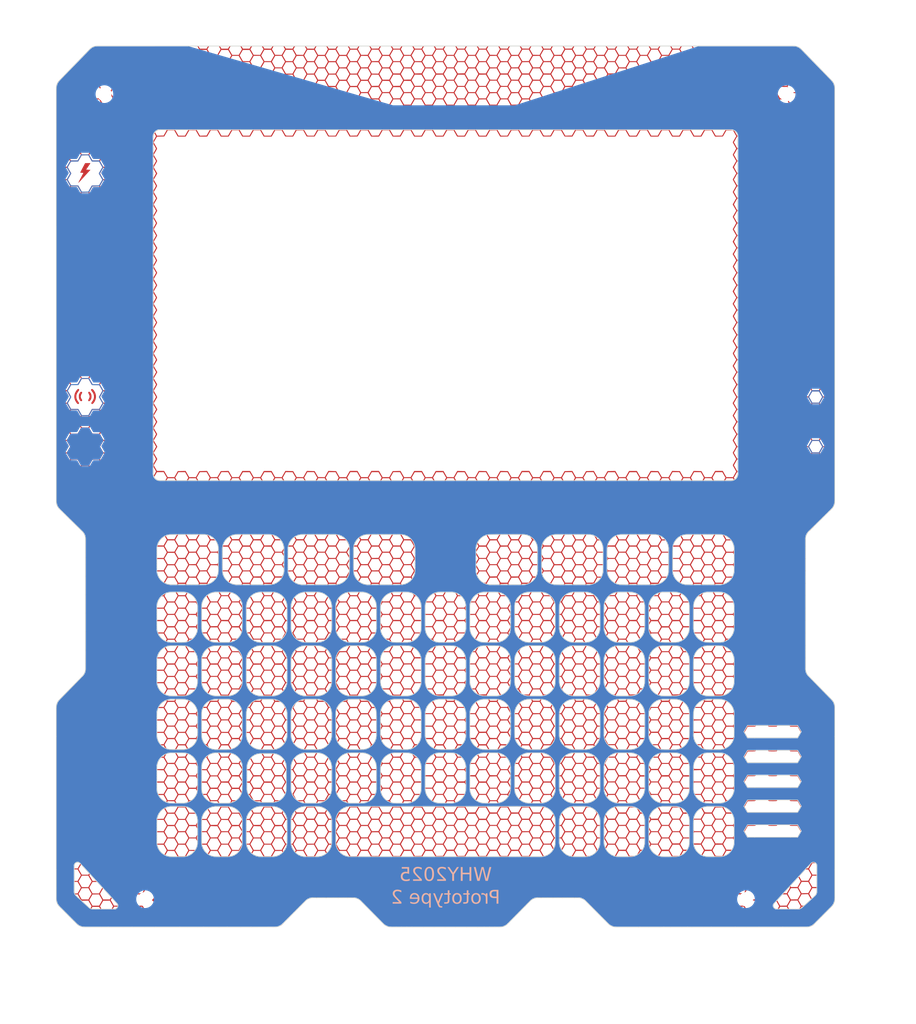
<source format=kicad_pcb>
(kicad_pcb (version 20240108) (generator "pcbnew") (generator_version "8.0")
  (layers (0 "F.Cu" signal) (31 "B.Cu" signal) (34 "B.Paste" user) (35 "F.Paste" user) (36 "B.SilkS" user "B.Silkscreen") (37 "F.SilkS" user "F.Silkscreen") (38 "B.Mask" user) (39 "F.Mask" user) (44 "Edge.Cuts" user))
  (net 0 "")
  (footprint "MountingHole:MountingHole_2.1mm" (layer "F.Cu") (at -50.35 -57.85)
    (property "Reference" "H5" (hide yes))
    (property "Value" "Mounting hole" (hide yes))
    (pad "" np_thru_hole circle (at 0 0) (size 2.1 2.1) (drill 2.1) (layers "*.Cu" "*.Mask"))
  )
  (footprint "MountingHole:MountingHole_2.1mm" (layer "F.Cu") (at 50.35 -57.85 90)
    (property "Reference" "H6" (hide yes))
    (property "Value" "Mounting hole" (hide yes))
    (pad "" np_thru_hole circle (at 0 0 90) (size 2.1 2.1) (drill 2.1) (layers "*.Cu" "*.Mask"))
  )
  (footprint "MountingHole:MountingHole_2.1mm" (layer "F.Cu") (at 44.35 60.85)
    (property "Reference" "H8" (hide yes))
    (property "Value" "Mounting hole" (hide yes))
    (pad "" np_thru_hole circle (at 0 0) (size 2.1 2.1) (drill 2.1) (layers "*.Cu" "*.Mask"))
  )
  (footprint "design:frontpanel_honeycomb" (layer "F.Cu") (at 0 0)
    (property "Reference" "N1" (hide yes))
    (property "Value" "Board" (hide yes))
    (fp_poly (pts (xy 50.024483 -6.401353) (xy 50.117403 -6.363229) (xy 50.160571 -6.296605) (xy 50.165 -6.256653) (xy 50.146412 -6.173824) (xy 50.085883 -6.122683) (xy 49.976261 -6.098942) (xy 49.897212 -6.096) (xy 49.75225 -6.096) (xy 49.75225 -6.4135) (xy 49.877183 -6.4135) (xy 50.024483 -6.401353)) (stroke (width 0.01)) (fill solid) (layer "F.Cu"))
    (fp_poly (pts (xy 50.095194 -5.833431) (xy 50.18153 -5.804693) (xy 50.221169 -5.751243) (xy 50.222999 -5.677855) (xy 50.181696 -5.601628) (xy 50.087367 -5.549996) (xy 49.946788 -5.526199) (xy 49.903062 -5.524969) (xy 49.75225 -5.5245) (xy 49.75225 -5.842) (xy 49.954737 -5.842) (xy 50.095194 -5.833431)) (stroke (width 0.01)) (fill solid) (layer "F.Cu"))
    (fp_poly (pts (xy 49.9677 -13.606383) (xy 49.989417 -13.564309) (xy 50.019492 -13.481868) (xy 50.05252 -13.377524) (xy 50.083094 -13.269741) (xy 50.105808 -13.176983) (xy 50.115257 -13.117713) (xy 50.113883 -13.1071) (xy 50.073485 -13.090155) (xy 49.996136 -13.082264) (xy 49.907722 -13.083311) (xy 49.834126 -13.09318) (xy 49.802501 -13.108501) (xy 49.803537 -13.147515) (xy 49.821081 -13.224474) (xy 49.849715 -13.323053) (xy 49.884021 -13.426924) (xy 49.918582 -13.519761) (xy 49.947982 -13.585237) (xy 49.966803 -13.607027) (xy 49.9677 -13.606383)) (stroke (width 0.01)) (fill solid) (layer "F.Cu"))
    (fp_poly (pts (xy -52.543265 -13.948108) (xy -52.457457 -13.871856) (xy -52.372035 -13.744158) (xy -52.307392 -13.608562) (xy -52.272629 -13.474906) (xy -52.258266 -13.308235) (xy -52.264277 -13.135659) (xy -52.290634 -12.984286) (xy -52.308073 -12.93281) (xy -52.395197 -12.755506) (xy -52.484267 -12.639917) (xy -52.577331 -12.58426) (xy -52.676438 -12.58675) (xy -52.697063 -12.594028) (xy -52.731606 -12.638461) (xy -52.730421 -12.71882) (xy -52.695468 -12.819922) (xy -52.659742 -12.883244) (xy -52.565884 -13.072885) (xy -52.530914 -13.259633) (xy -52.547394 -13.406438) (xy -52.589878 -13.52486) (xy -52.648858 -13.642266) (xy -52.659742 -13.659757) (xy -52.722152 -13.780285) (xy -52.731928 -13.871904) (xy -52.69865 -13.9319) (xy -52.625112 -13.969321) (xy -52.543265 -13.948108)) (stroke (width 0.01)) (fill solid) (layer "F.Cu"))
    (fp_poly (pts (xy -53.750674 -13.964614) (xy -53.66651 -13.92875) (xy -53.633253 -13.860644) (xy -53.655494 -13.7715) (xy -53.6649 -13.755414) (xy -53.77826 -13.548805) (xy -53.838201 -13.365653) (xy -53.845107 -13.195682) (xy -53.799359 -13.028618) (xy -53.70134 -12.854185) (xy -53.698563 -12.850135) (xy -53.648694 -12.768645) (xy -53.634881 -12.710942) (xy -53.651473 -12.652931) (xy -53.652032 -12.651698) (xy -53.708877 -12.588009) (xy -53.787588 -12.576129) (xy -53.872688 -12.616506) (xy -53.902383 -12.644438) (xy -54.01451 -12.796192) (xy -54.083326 -12.965904) (xy -54.114151 -13.169113) (xy -54.117049 -13.2715) (xy -54.113919 -13.417364) (xy -54.101648 -13.522729) (xy -54.075787 -13.610423) (xy -54.033549 -13.700125) (xy -53.943646 -13.847399) (xy -53.858984 -13.934944) (xy -53.77616 -13.965939) (xy -53.750674 -13.964614)) (stroke (width 0.01)) (fill solid) (layer "F.Cu"))
    (fp_poly (pts (xy -54.146787 -14.373335) (xy -54.10835 -14.34465) (xy -54.076714 -14.293414) (xy -54.079739 -14.228924) (xy -54.120668 -14.141358) (xy -54.202742 -14.020887) (xy -54.224996 -13.991166) (xy -54.354974 -13.800483) (xy -54.439167 -13.62567) (xy -54.484617 -13.447367) (xy -54.498369 -13.246213) (xy -54.498366 -13.23975) (xy -54.479036 -13.026991) (xy -54.417975 -12.828705) (xy -54.309133 -12.628956) (xy -54.218001 -12.501288) (xy -54.137637 -12.382111) (xy -54.105457 -12.292821) (xy -54.119221 -12.224707) (xy -54.1401 -12.19835) (xy -54.213373 -12.158297) (xy -54.295977 -12.177489) (xy -54.390173 -12.256875) (xy -54.448808 -12.32795) (xy -54.625055 -12.606023) (xy -54.738138 -12.888371) (xy -54.788084 -13.173034) (xy -54.774922 -13.458052) (xy -54.698681 -13.741465) (xy -54.559389 -14.02131) (xy -54.42148 -14.217711) (xy -54.316577 -14.329744) (xy -54.225758 -14.381316) (xy -54.146787 -14.373335)) (stroke (width 0.01)) (fill solid) (layer "F.Cu"))
    (fp_poly (pts (xy -52.059688 -14.323965) (xy -52.048392 -14.313928) (xy -51.941298 -14.191554) (xy -51.832512 -14.03059) (xy -51.735816 -13.85403) (xy -51.664993 -13.68487) (xy -51.657545 -13.661854) (xy -51.602851 -13.379895) (xy -51.607681 -13.091623) (xy -51.670506 -12.808176) (xy -51.789795 -12.540692) (xy -51.818068 -12.493625) (xy -51.933645 -12.328446) (xy -52.037928 -12.217779) (xy -52.128602 -12.162957) (xy -52.203349 -12.165313) (xy -52.259852 -12.226178) (xy -52.264917 -12.236639) (xy -52.278201 -12.280981) (xy -52.27101 -12.328708) (xy -52.23759 -12.394133) (xy -52.172191 -12.491566) (xy -52.149761 -12.523178) (xy -52.016034 -12.733117) (xy -51.930564 -12.925582) (xy -51.887518 -13.116365) (xy -51.8795 -13.254775) (xy -51.909884 -13.512519) (xy -52.001351 -13.753973) (xy -52.132834 -13.954125) (xy -52.23208 -14.083738) (xy -52.291954 -14.177404) (xy -52.317106 -14.244943) (xy -52.312186 -14.296172) (xy -52.303165 -14.313779) (xy -52.23714 -14.367886) (xy -52.150206 -14.371285) (xy -52.059688 -14.323965)) (stroke (width 0.01)) (fill solid) (layer "F.Cu"))
    (fp_poly (pts (xy -52.536122 -47.682092) (xy -52.452451 -47.677861) (xy -52.419362 -47.671083) (xy -52.41925 -47.670608) (xy -52.436309 -47.639215) (xy -52.483655 -47.564309) (xy -52.555545 -47.454666) (xy -52.646233 -47.319059) (xy -52.736872 -47.185444) (xy -53.054494 -46.720125) (xy -52.415876 -46.688375) (xy -53.197864 -45.831125) (xy -53.436997 -45.569304) (xy -53.636726 -45.351443) (xy -53.800148 -45.174323) (xy -53.930357 -45.034722) (xy -54.030451 -44.929419) (xy -54.103522 -44.855194) (xy -54.152668 -44.808825) (xy -54.180983 -44.787091) (xy -54.191564 -44.786772) (xy -54.189519 -44.79925) (xy -54.170749 -44.839637) (xy -54.126614 -44.927964) (xy -54.061337 -45.055991) (xy -53.97914 -45.215472) (xy -53.884246 -45.398163) (xy -53.807325 -45.545375) (xy -53.441437 -46.243875) (xy -53.676469 -46.253149) (xy -53.789478 -46.260823) (xy -53.872756 -46.272609) (xy -53.910684 -46.286164) (xy -53.9115 -46.28836) (xy -53.89725 -46.322559) (xy -53.857216 -46.404786) (xy -53.795477 -46.52703) (xy -53.71611 -46.681276) (xy -53.623193 -46.859513) (xy -53.552694 -46.993462) (xy -53.193887 -47.672625) (xy -52.806569 -47.68154) (xy -52.658214 -47.683433) (xy -52.536122 -47.682092)) (stroke (width 0.01)) (fill solid) (layer "F.Cu"))
    (fp_poly (pts (xy -53.195158 -7.206461) (xy -52.978975 -7.203429) (xy -52.810618 -7.19662) (xy -52.682253 -7.184595) (xy -52.586045 -7.165918) (xy -52.514161 -7.139152) (xy -52.458766 -7.102858) (xy -52.412028 -7.055599) (xy -52.373882 -7.006592) (xy -52.350548 -6.97013) (xy -52.333188 -6.926836) (xy -52.320727 -6.866866) (xy -52.312087 -6.780375) (xy -52.306191 -6.657517) (xy -52.301962 -6.488446) (xy -52.299216 -6.323967) (xy -52.297149 -6.086263) (xy -52.300382 -5.902581) (xy -52.310989 -5.763526) (xy -52.331047 -5.659703) (xy -52.362631 -5.581715) (xy -52.407818 -5.520167) (xy -52.468683 -5.465664) (xy -52.492888 -5.447382) (xy -52.536074 -5.420621) (xy -52.588643 -5.401591) (xy -52.662488 -5.388603) (xy -52.769506 -5.379964) (xy -52.921591 -5.373985) (xy -53.028689 -5.371219) (xy -53.474976 -5.360812) (xy -53.80497 -5.077531) (xy -53.927713 -4.97408) (xy -54.034621 -4.887558) (xy -54.115951 -4.825588) (xy -54.161959 -4.795791) (xy -54.167104 -4.79425) (xy -54.205563 -4.819515) (xy -54.216705 -4.839753) (xy -54.223872 -4.892269) (xy -54.226546 -4.98846) (xy -54.224244 -5.108627) (xy -54.223646 -5.12294) (xy -54.213125 -5.360624) (xy -54.329848 -5.395511) (xy -54.457318 -5.463365) (xy -54.561114 -5.573617) (xy -54.622631 -5.705645) (xy -54.626792 -5.724594) (xy -54.63265 -5.790227) (xy -54.636571 -5.90633) (xy -54.638211 -6.046462) (xy -54.255368 -6.046462) (xy -54.249806 -6.018024) (xy -54.235854 -5.999829) (xy -54.204341 -5.986894) (xy -54.146564 -5.978595) (xy -54.053824 -5.974309) (xy -53.917419 -5.973413) (xy -53.728647 -5.975282) (xy -53.666152 -5.976202) (xy -53.464397 -5.979633) (xy -53.31747 -5.983528) (xy -53.216703 -5.988999) (xy -53.153429 -5.997152) (xy -53.118978 -6.009098) (xy -53.104683 -6.025944) (xy -53.101875 -6.048375) (xy -53.104847 -6.07132) (xy -53.119597 -6.088167) (xy -53.154879 -6.100058) (xy -53.219445 -6.108137) (xy -53.322048 -6.113545) (xy -53.471441 -6.117425) (xy -53.655139 -6.120587) (xy -53.852041 -6.121956) (xy -54.017738 -6.119685) (xy -54.143319 -6.114106) (xy -54.219872 -6.10555) (xy -54.238793 -6.098908) (xy -54.255368 -6.046462) (xy -54.638211 -6.046462) (xy -54.638369 -6.059897) (xy -54.637861 -6.237923) (xy -54.635993 -6.372323) (xy -54.632225 -6.545792) (xy -54.26075 -6.545792) (xy -54.250095 -6.485101) (xy -54.239033 -6.465866) (xy -54.20248 -6.460142) (xy -54.111432 -6.455682) (xy -53.974881 -6.452639) (xy -53.801823 -6.451163) (xy -53.601251 -6.451406) (xy -53.45322 -6.452637) (xy -52.689125 -6.461125) (xy -52.67898 -6.532563) (xy -52.668834 -6.604) (xy -53.464792 -6.604) (xy -53.710102 -6.603763) (xy -53.899191 -6.602695) (xy -54.039338 -6.600264) (xy -54.137821 -6.595938) (xy -54.201919 -6.589185) (xy -54.238911 -6.579472) (xy -54.256075 -6.566267) (xy -54.26069 -6.549039) (xy -54.26075 -6.545792) (xy -54.632225 -6.545792) (xy -54.631617 -6.573732) (xy -54.626257 -6.722046) (xy -54.618668 -6.827668) (xy -54.607605 -6.901003) (xy -54.591823 -6.952455) (xy -54.570078 -6.992428) (xy -54.560119 -7.006602) (xy -54.5146 -7.064135) (xy -54.46698 -7.109503) (xy -54.409426 -7.14414) (xy -54.334102 -7.169486) (xy -54.233175 -7.186977) (xy -54.098812 -7.198051) (xy -53.923176 -7.204145) (xy -53.698436 -7.206696) (xy -53.467 -7.207152) (xy -53.195158 -7.206461)) (stroke (width 0.01)) (fill solid) (layer "F.Cu"))
    (fp_poly (pts (xy 41.100628 -64.711229) (xy 41.044787 -64.60987) (xy 41.005255 -64.526476) (xy 40.990552 -64.479025) (xy 40.990555 -64.478908) (xy 41.006457 -64.437628) (xy 41.04928 -64.35289) (xy 41.113171 -64.235626) (xy 41.19228 -64.096768) (xy 41.225622 -64.03975) (xy 41.459384 -63.642875) (xy 42.432039 -63.642875) (xy 42.675142 -64.06084) (xy 42.918244 -64.478804) (xy 42.811958 -64.66409) (xy 42.748661 -64.776825) (xy 42.716258 -64.84575) (xy 42.713121 -64.881595) (xy 42.737625 -64.895088) (xy 42.776645 -64.897001) (xy 42.830562 -64.880336) (xy 42.885792 -64.82342) (xy 42.944636 -64.730313) (xy 43.039733 -64.563625) (xy 44.021375 -64.546723) (xy 44.115511 -64.721862) (xy 44.177581 -64.825622) (xy 44.22891 -64.880367) (xy 44.27985 -64.896975) (xy 44.282198 -64.897) (xy 44.330168 -64.892935) (xy 44.348362 -64.873365) (xy 44.335563 -64.827235) (xy 44.290556 -64.743485) (xy 44.259499 -64.690625) (xy 44.208085 -64.596071) (xy 44.174009 -64.518296) (xy 44.165635 -64.48425) (xy 44.1811 -64.440915) (xy 44.223395 -64.35425) (xy 44.286707 -64.235397) (xy 44.365227 -64.095496) (xy 44.397483 -64.03975) (xy 44.629028 -63.642875) (xy 45.604471 -63.642875) (xy 45.836016 -64.03975) (xy 45.91875 -64.184683) (xy 45.98846 -64.312754) (xy 46.039336 -64.412824) (xy 46.065567 -64.473752) (xy 46.067864 -64.48425) (xy 46.052618 -64.536259) (xy 46.012957 -64.620606) (xy 45.974 -64.690625) (xy 45.914114 -64.794894) (xy 45.886984 -64.856571) (xy 45.891394 -64.886715) (xy 45.926125 -64.896384) (xy 45.951301 -64.897) (xy 46.002457 -64.881793) (xy 46.053555 -64.828918) (xy 46.114949 -64.727497) (xy 46.117988 -64.721862) (xy 46.212125 -64.546723) (xy 46.702945 -64.555174) (xy 47.193766 -64.563625) (xy 47.288863 -64.730313) (xy 47.354086 -64.831864) (xy 47.408667 -64.883907) (xy 47.456854 -64.897001) (xy 47.503856 -64.893312) (xy 47.523022 -64.875226) (xy 47.512685 -64.832217) (xy 47.471179 -64.753754) (xy 47.420735 -64.668862) (xy 47.311884 -64.488349) (xy 47.555754 -64.058789) (xy 47.799625 -63.629228) (xy 48.764295 -63.627) (xy 48.936192 -63.920688) (xy 49.016885 -64.058926) (xy 49.094335 -64.192258) (xy 49.157456 -64.301568) (xy 49.184107 -64.348144) (xy 49.260125 -64.481912) (xy 49.156937 -64.669672) (xy 49.095792 -64.783319) (xy 49.064697 -64.851988) (xy 49.062146 -64.885804) (xy 49.086632 -64.894895) (xy 49.123977 -64.891271) (xy 49.190286 -64.852096) (xy 49.266853 -64.754151) (xy 49.290664 -64.714994) (xy 49.387125 -64.548863) (xy 49.869532 -64.548307) (xy 50.35194 -64.547751) (xy 50.456387 -64.722376) (xy 50.52631 -64.827285) (xy 50.583341 -64.882298) (xy 50.632792 -64.897001) (xy 50.688876 -64.890069) (xy 50.70475 -64.87853) (xy 50.689834 -64.843815) (xy 50.650703 -64.770419) (xy 50.595779 -64.674131) (xy 50.594951 -64.672718) (xy 50.485153 -64.485376) (xy 50.974625 -63.628824) (xy 51.938115 -63.627) (xy 52.178682 -64.041717) (xy 52.262942 -64.190194) (xy 52.334315 -64.322103) (xy 52.387144 -64.4265) (xy 52.415767 -64.492437) (xy 52.41925 -64.507013) (xy 52.425504 -64.537858) (xy 52.453779 -64.525181) (xy 52.48275 -64.500125) (xy 52.53005 -64.448166) (xy 52.54625 -64.415305) (xy 52.531052 -64.379564) (xy 52.489211 -64.29946) (xy 52.426354 -64.18532) (xy 52.348105 -64.047469) (xy 52.308419 -63.978813) (xy 52.070588 -63.569675) (xy 52.316356 -63.139133) (xy 52.562125 -62.708591) (xy 53.043579 -62.707421) (xy 53.525034 -62.70625) (xy 53.639665 -62.91123) (xy 53.709522 -63.032358) (xy 53.758399 -63.103961) (xy 53.794 -63.133167) (xy 53.824028 -63.127103) (xy 53.8476 -63.103607) (xy 53.862324 -63.068141) (xy 53.85244 -63.014825) (xy 53.813956 -62.930392) (xy 53.772426 -62.853816) (xy 53.658707 -62.650468) (xy 53.899359 -62.233859) (xy 54.14001 -61.81725) (xy 55.072762 -61.81725) (xy 55.219805 -61.666438) (xy 55.298917 -61.573544) (xy 55.393806 -61.44456) (xy 55.490317 -61.299398) (xy 55.547061 -61.206063) (xy 55.727274 -60.896501) (xy 55.862216 -60.8965) (xy 55.979507 -60.88121) (xy 56.054625 -60.833) (xy 56.083736 -60.797674) (xy 56.082342 -60.778646) (xy 56.040036 -60.770785) (xy 55.94641 -60.768958) (xy 55.924608 -60.768878) (xy 55.737125 -60.768255) (xy 55.242261 -59.906931) (xy 55.488743 -59.480966) (xy 55.735226 -59.055) (xy 56.698571 -59.055) (xy 56.894405 -59.390711) (xy 56.979062 -59.532984) (xy 57.039729 -59.626527) (xy 57.082319 -59.678629) (xy 57.112746 -59.696577) (xy 57.135994 -59.688449) (xy 57.174666 -59.646583) (xy 57.18175 -59.629559) (xy 57.166887 -59.595166) (xy 57.126572 -59.51782) (xy 57.06721 -59.409494) (xy 57.005251 -59.299705) (xy 56.828753 -58.990769) (xy 57.076077 -58.56251) (xy 57.174481 -58.394768) (xy 57.248689 -58.275671) (xy 57.30426 -58.197766) (xy 57.346753 -58.153598) (xy 57.381725 -58.135716) (xy 57.395451 -58.134251) (xy 57.453813 -58.116121) (xy 57.4675 -58.07075) (xy 57.447837 -58.020065) (xy 57.392076 -58.00725) (xy 57.358264 -57.999507) (xy 57.321191 -57.971126) (xy 57.27507 -57.914385) (xy 57.214109 -57.821561) (xy 57.132519 -57.68493) (xy 57.072689 -57.581217) (xy 56.828726 -57.155184) (xy 57.065507 -56.74778) (xy 57.161603 -56.585119) (xy 57.233946 -56.470395) (xy 57.288707 -56.39554) (xy 57.33206 -56.352487) (xy 57.370177 -56.333166) (xy 57.384894 -56.330329) (xy 57.448345 -56.30779) (xy 57.46739 -56.250542) (xy 57.4675 -56.243017) (xy 57.453373 -56.183498) (xy 57.399379 -56.165882) (xy 57.390567 -56.16575) (xy 57.356125 -56.158337) (xy 57.318921 -56.130884) (xy 57.272976 -56.075568) (xy 57.21231 -55.984571) (xy 57.130945 -55.850069) (xy 57.071645 -55.748583) (xy 56.829656 -55.331415) (xy 57.072574 -54.907208) (xy 57.168617 -54.741853) (xy 57.240652 -54.624778) (xy 57.294517 -54.548214) (xy 57.336054 -54.504394) (xy 57.371101 -54.48555) (xy 57.391495 -54.483) (xy 57.452005 -54.466704) (xy 57.4675 -54.4195) (xy 57.447076 -54.368185) (xy 57.394897 -54.356) (xy 57.361559 -54.347241) (xy 57.323529 -54.315951) (xy 57.275237 -54.254616) (xy 57.211117 -54.155719) (xy 57.1256 -54.011745) (xy 57.075756 -53.925185) (xy 56.829218 -53.49437) (xy 57.075972 -53.067935) (xy 57.174239 -52.900749) (xy 57.248294 -52.782145) (xy 57.303738 -52.704637) (xy 57.346173 -52.660741) (xy 57.3812 -52.642972) (xy 57.395113 -52.6415) (xy 57.453664 -52.623534) (xy 57.4675 -52.578) (xy 57.447348 -52.52691) (xy 57.393882 -52.514501) (xy 57.36027 -52.506062) (xy 57.322388 -52.475688) (xy 57.27456 -52.41579) (xy 57.211109 -52.318779) (xy 57.12636 -52.177066) (xy 57.074416 -52.08741) (xy 56.828568 -51.660319) (xy 57.076596 -51.230408) (xy 57.175375 -51.061903) (xy 57.249969 -50.942155) (xy 57.305863 -50.863775) (xy 57.348543 -50.819378) (xy 57.383495 -50.801577) (xy 57.396062 -50.800249) (xy 57.454127 -50.781504) (xy 57.4675 -50.7365) (xy 57.448261 -50.68617) (xy 57.390504 -50.673) (xy 57.35559 -50.665536) (xy 57.318173 -50.637825) (xy 57.272141 -50.581893) (xy 57.211378 -50.489765) (xy 57.129771 -50.353464) (xy 57.080942 -50.269213) (xy 56.998184 -50.125233) (xy 56.927141 -50.001078) (xy 56.87366 -49.907008) (xy 56.843585 -49.853281) (xy 56.839313 -49.845155) (xy 56.851297 -49.812094) (xy 56.890322 -49.734371) (xy 56.951067 -49.621959) (xy 57.028213 -49.484829) (xy 57.072752 -49.407567) (xy 57.169295 -49.243841) (xy 57.24163 -49.12823) (xy 57.295693 -49.05296) (xy 57.33742 -49.010258) (xy 57.372745 -48.992349) (xy 57.391375 -48.99025) (xy 57.450079 -48.975846) (xy 57.467389 -48.921109) (xy 57.4675 -48.912984) (xy 57.451699 -48.851763) (xy 57.393083 -48.826796) (xy 57.384729 -48.825672) (xy 57.346828 -48.81338) (xy 57.306093 -48.780477) (xy 57.256314 -48.718882) (xy 57.191279 -48.620513) (xy 57.104777 -48.477291) (xy 57.065552 -48.410394) (xy 56.829145 -48.005163) (xy 57.0726 -47.576957) (xy 57.16852 -47.4106) (xy 57.240523 -47.292625) (xy 57.294385 -47.215283) (xy 57.335882 -47.170826) (xy 57.370789 -47.151505) (xy 57.391777 -47.14875) (xy 57.452138 -47.132329) (xy 57.4675 -47.08525) (xy 57.447019 -47.033887) (xy 57.395113 -47.02175) (xy 57.361553 -47.012767) (xy 57.322946 -46.980828) (xy 57.273695 -46.918455) (xy 57.208206 -46.818168) (xy 57.120882 -46.672488) (xy 57.075619 -46.594707) (xy 56.828513 -46.167664) (xy 57.076569 -45.737705) (xy 57.175353 -45.569191) (xy 57.249952 -45.449432) (xy 57.305849 -45.371043) (xy 57.348532 -45.326637) (xy 57.383485 -45.308829) (xy 57.396062 -45.307499) (xy 57.454127 -45.288754) (xy 57.4675 -45.24375) (xy 57.448386 -45.193525) (xy 57.390039 -45.180251) (xy 57.355909 -45.173203) (xy 57.319592 -45.146821) (xy 57.275184 -45.093243) (xy 57.216781 -45.004608) (xy 57.138476 -44.873057) (xy 57.07145 -44.756133) (xy 56.830321 -44.332016) (xy 57.072786 -43.914758) (xy 57.169322 -43.751045) (xy 57.241651 -43.635446) (xy 57.29571 -43.560188) (xy 57.337434 -43.517496) (xy 57.372759 -43.499596) (xy 57.391375 -43.497501) (xy 57.450079 -43.483096) (xy 57.467389 -43.428359) (xy 57.4675 -43.420234) (xy 57.451653 -43.358958) (xy 57.392924 -43.334001) (xy 57.384894 -43.332922) (xy 57.34709 -43.320622) (xy 57.306456 -43.28769) (xy 57.256805 -43.226043) (xy 57.19195 -43.127602) (xy 57.105704 -42.984286) (xy 57.066238 -42.916727) (xy 56.830188 -42.510579) (xy 57.073121 -42.08329) (xy 57.168933 -41.91713) (xy 57.240843 -41.799346) (xy 57.294636 -41.722183) (xy 57.336094 -41.677884) (xy 57.371004 -41.658692) (xy 57.391777 -41.656) (xy 57.452138 -41.639579) (xy 57.4675 -41.5925) (xy 57.447019 -41.541137) (xy 57.395113 -41.529001) (xy 57.361553 -41.520017) (xy 57.322946 -41.488078) (xy 57.273695 -41.425705) (xy 57.208206 -41.325418) (xy 57.120882 -41.179738) (xy 57.075619 -41.101957) (xy 56.828513 -40.674914) (xy 57.076569 -40.244955) (xy 57.175353 -40.076441) (xy 57.249952 -39.956682) (xy 57.305849 -39.878293) (xy 57.348532 -39.833887) (xy 57.383485 -39.816079) (xy 57.396062 -39.814749) (xy 57.454127 -39.796004) (xy 57.4675 -39.751) (xy 57.448386 -39.700775) (xy 57.390039 -39.6875) (xy 57.355921 -39.680456) (xy 57.319614 -39.654084) (xy 57.275217 -39.600527) (xy 57.216829 -39.511927) (xy 57.138548 -39.380426) (xy 57.07126 -39.263048) (xy 56.82994 -38.838596) (xy 57.071787 -38.421673) (xy 57.167934 -38.258283) (xy 57.239903 -38.142951) (xy 57.293676 -38.067852) (xy 57.335234 -38.025165) (xy 57.37056 -38.007065) (xy 57.390567 -38.00475) (xy 57.449829 -37.990563) (xy 57.467369 -37.936335) (xy 57.4675 -37.927484) (xy 57.451653 -37.866208) (xy 57.392924 -37.841251) (xy 57.384894 -37.840172) (xy 57.347146 -37.827893) (xy 57.306559 -37.795015) (xy 57.256962 -37.733469) (xy 57.192181 -37.635187) (xy 57.106042 -37.492101) (xy 57.065507 -37.422721) (xy 56.828726 -37.015317) (xy 57.072689 -36.589284) (xy 57.169086 -36.42334) (xy 57.241455 -36.305737) (xy 57.295586 -36.22875) (xy 57.337268 -36.184658) (xy 57.372292 -36.165736) (xy 57.392076 -36.163251) (xy 57.452279 -36.146696) (xy 57.4675 -36.09975) (xy 57.447019 -36.048387) (xy 57.395113 -36.036251) (xy 57.361531 -36.027261) (xy 57.322905 -35.995301) (xy 57.273633 -35.932888) (xy 57.208113 -35.832535) (xy 57.120745 -35.68676) (xy 57.075972 -35.609816) (xy 56.829218 -35.183381) (xy 57.075756 -34.752566) (xy 57.173415 -34.584491) (xy 57.247027 -34.465071) (xy 57.30216 -34.386791) (xy 57.344381 -34.342135) (xy 57.379258 -34.323587) (xy 57.394897 -34.32175) (xy 57.453569 -34.303888) (xy 57.4675 -34.25825) (xy 57.448386 -34.208025) (xy 57.390039 -34.19475) (xy 57.355921 -34.187706) (xy 57.319614 -34.161334) (xy 57.275217 -34.107777) (xy 57.216829 -34.019177) (xy 57.138548 -33.887676) (xy 57.07126 -33.770298) (xy 56.82994 -33.345846) (xy 57.071787 -32.928923) (xy 57.167934 -32.765533) (xy 57.239903 -32.650201) (xy 57.293676 -32.575102) (xy 57.335234 -32.532415) (xy 57.37056 -32.514315) (xy 57.390567 -32.512) (xy 57.449829 -32.497813) (xy 57.467369 -32.443585) (xy 57.4675 -32.434734) (xy 57.451653 -32.373458) (xy 57.392924 -32.348501) (xy 57.384894 -32.347422) (xy 57.347146 -32.335143) (xy 57.306559 -32.302265) (xy 57.256962 -32.240719) (xy 57.192181 -32.142437) (xy 57.106042 -31.999351) (xy 57.065507 -31.929971) (xy 56.828726 -31.522567) (xy 57.072689 -31.096534) (xy 57.169086 -30.93059) (xy 57.241455 -30.812987) (xy 57.295586 -30.736) (xy 57.337268 -30.691908) (xy 57.372292 -30.672986) (xy 57.392076 -30.6705) (xy 57.452279 -30.653946) (xy 57.4675 -30.607) (xy 57.446929 -30.555563) (xy 57.395451 -30.543501) (xy 57.361936 -30.53439) (xy 57.32323 -30.502085) (xy 57.273765 -30.439124) (xy 57.207973 -30.338043) (xy 57.120286 -30.191381) (xy 57.076719 -30.116352) (xy 56.830035 -29.689203) (xy 57.076165 -29.259102) (xy 57.17374 -29.091179) (xy 57.247279 -28.971909) (xy 57.302357 -28.893769) (xy 57.344547 -28.849239) (xy 57.379423 -28.830796) (xy 57.394897 -28.829) (xy 57.453569 -28.811138) (xy 57.4675 -28.7655) (xy 57.447994 -28.714946) (xy 57.391495 -28.702) (xy 57.357539 -28.694438) (xy 57.320606 -28.666572) (xy 57.274856 -28.610635) (xy 57.21445 -28.518859) (xy 57.133548 -28.383475) (xy 57.072574 -28.277793) (xy 56.829656 -27.853586) (xy 57.071645 -27.436418) (xy 57.167822 -27.272975) (xy 57.239816 -27.157591) (xy 57.293608 -27.082445) (xy 57.335176 -27.039715) (xy 57.3705 -27.021581) (xy 57.390567 -27.01925) (xy 57.449829 -27.005063) (xy 57.467369 -26.950835) (xy 57.4675 -26.941984) (xy 57.451875 -26.880974) (xy 57.39369 -26.855971) (xy 57.384095 -26.854672) (xy 57.346447 -26.842829) (xy 57.306617 -26.811172) (xy 57.258419 -26.751555) (xy 57.195664 -26.655828) (xy 57.112164 -26.515845) (xy 57.06572 -26.435454) (xy 56.830749 -26.026283) (xy 57.073701 -25.602017) (xy 57.169889 -25.436453) (xy 57.242077 -25.31922) (xy 57.296071 -25.242579) (xy 57.33768 -25.198792) (xy 57.372709 -25.180121) (xy 57.392076 -25.17775) (xy 57.452279 -25.161196) (xy 57.4675 -25.11425) (xy 57.446929 -25.062813) (xy 57.395451 -25.05075) (xy 57.362014 -25.041662) (xy 57.323377 -25.009432) (xy 57.273991 -24.946616) (xy 57.208307 -24.84577) (xy 57.120777 -24.699449) (xy 57.075455 -24.621413) (xy 56.827507 -24.192076) (xy 57.075116 -23.764163) (xy 57.173559 -23.596661) (xy 57.247766 -23.477747) (xy 57.303325 -23.399947) (xy 57.345826 -23.35579) (xy 57.380856 -23.337801) (xy 57.395113 -23.336251) (xy 57.453664 -23.318284) (xy 57.4675 -23.27275) (xy 57.447837 -23.222065) (xy 57.392076 -23.20925) (xy 57.358264 -23.201507) (xy 57.321191 -23.173126) (xy 57.27507 -23.116385) (xy 57.214109 -23.023561) (xy 57.132519 -22.88693) (xy 57.072689 -22.783217) (xy 56.828726 -22.357184) (xy 57.065507 -21.94978) (xy 57.161603 -21.787119) (xy 57.233946 -21.672395) (xy 57.288707 -21.59754) (xy 57.33206 -21.554487) (xy 57.370177 -21.535166) (xy 57.384894 -21.532329) (xy 57.448345 -21.50979) (xy 57.46739 -21.452542) (xy 57.4675 -21.445017) (xy 57.453373 -21.385498) (xy 57.399379 -21.367882) (xy 57.390567 -21.36775) (xy 57.356189 -21.360352) (xy 57.319037 -21.332954) (xy 57.273151 -21.277749) (xy 57.212568 -21.186932) (xy 57.131327 -21.052697) (xy 57.070659 -20.948883) (xy 56.827684 -20.530015) (xy 56.899827 -20.401195) (xy 57.02225 -20.183745) (xy 57.118777 -20.015759) (xy 57.193753 -19.890866) (xy 57.251526 -19.802694) (xy 57.296441 -19.744872) (xy 57.332844 -19.711028) (xy 57.365082 -19.69479) (xy 57.384387 -19.690829) (xy 57.448338 -19.668223) (xy 57.467425 -19.611537) (xy 57.4675 -19.605625) (xy 57.451274 -19.546068) (xy 57.391679 -19.52149) (xy 57.383596 -19.520422) (xy 57.345679 -19.508609) (xy 57.305572 -19.477058) (xy 57.25702 -19.417626) (xy 57.193769 -19.322171) (xy 57.109565 -19.182548) (xy 57.063353 -19.103452) (xy 56.827014 -18.696528) (xy 57.071253 -18.270014) (xy 57.167569 -18.104164) (xy 57.23984 -17.986606) (xy 57.293883 -17.909592) (xy 57.335516 -17.865374) (xy 57.370555 -17.846205) (xy 57.391495 -17.8435) (xy 57.452005 -17.827204) (xy 57.4675 -17.78) (xy 57.447918 -17.729383) (xy 57.391777 -17.716501) (xy 57.358075 -17.708936) (xy 57.321382 -17.68108) (xy 57.275927 -17.625188) (xy 57.215939 -17.533517) (xy 57.13565 -17.398324) (xy 57.072278 -17.287727) (xy 56.828501 -16.858954) (xy 57.075952 -16.430477) (xy 57.174381 -16.262689) (xy 57.248611 -16.143547) (xy 57.3042 -16.065598) (xy 57.346702 -16.021392) (xy 57.381675 -16.003477) (xy 57.395451 -16.002) (xy 57.453813 -15.983871) (xy 57.4675 -15.9385) (xy 57.448026 -15.887973) (xy 57.391375 -15.875) (xy 57.35706 -15.867313) (xy 57.319566 -15.839072) (xy 57.272965 -15.782507) (xy 57.211326 -15.68985) (xy 57.12872 -15.553331) (xy 57.072438 -15.457144) (xy 56.988986 -15.309847) (xy 56.919809 -15.18065) (xy 56.870144 -15.079911) (xy 56.84523 -15.017993) (xy 56.843738 -15.004706) (xy 56.864183 -14.965862) (xy 56.910473 -14.8833) (xy 56.976323 -14.768076) (xy 57.05545 -14.631244) (xy 57.079968 -14.589125) (xy 57.173155 -14.432259) (xy 57.243062 -14.323153) (xy 57.296182 -14.253477) (xy 57.339006 -14.214904) (xy 57.378027 -14.199105) (xy 57.384793 -14.198079) (xy 57.448554 -14.17528) (xy 57.467442 -14.118087) (xy 57.4675 -14.112875) (xy 57.451274 -14.053318) (xy 57.391679 -14.02874) (xy 57.383596 -14.027672) (xy 57.345668 -14.015855) (xy 57.305551 -13.984293) (xy 57.256988 -13.924842) (xy 57.193723 -13.829355) (xy 57.109498 -13.689687) (xy 57.0635 -13.610955) (xy 56.827308 -13.204284) (xy 57.069944 -12.777517) (xy 57.165317 -12.61201) (xy 57.236766 -12.494737) (xy 57.290168 -12.417861) (xy 57.331402 -12.373545) (xy 57.366345 -12.353952) (xy 57.390039 -12.350751) (xy 57.451307 -12.335082) (xy 57.4675 -12.28725) (xy 57.447918 -12.236633) (xy 57.391777 -12.22375) (xy 57.358101 -12.216192) (xy 57.321429 -12.188358) (xy 57.275997 -12.132511) (xy 57.216043 -12.040914) (xy 57.135803 -11.905829) (xy 57.071869 -11.79426) (xy 56.827685 -11.364769) (xy 57.075205 -10.93701) (xy 57.173629 -10.76954) (xy 57.24782 -10.650658) (xy 57.303368 -10.572889) (xy 57.345862 -10.528759) (xy 57.380891 -10.510793) (xy 57.395113 -10.50925) (xy 57.453664 -10.491284) (xy 57.4675 -10.44575) (xy 57.448026 -10.395223) (xy 57.391375 -10.38225) (xy 57.35706 -10.374563) (xy 57.319566 -10.346322) (xy 57.272965 -10.289757) (xy 57.211326 -10.1971) (xy 57.12872 -10.060581) (xy 57.072438 -9.964394) (xy 56.988986 -9.817097) (xy 56.919809 -9.6879) (xy 56.870144 -9.587161) (xy 56.84523 -9.525243) (xy 56.843738 -9.511956) (xy 56.864183 -9.473112) (xy 56.910473 -9.39055) (xy 56.976323 -9.275326) (xy 57.05545 -9.138494) (xy 57.079968 -9.096375) (xy 57.173155 -8.939509) (xy 57.243062 -8.830403) (xy 57.296182 -8.760727) (xy 57.339006 -8.722154) (xy 57.378027 -8.706355) (xy 57.384793 -8.705329) (xy 57.448554 -8.68253) (xy 57.467442 -8.625337) (xy 57.4675 -8.620125) (xy 57.451274 -8.560568) (xy 57.391679 -8.53599) (xy 57.383596 -8.534922) (xy 57.345668 -8.523105) (xy 57.305551 -8.491543) (xy 57.256988 -8.432092) (xy 57.193723 -8.336605) (xy 57.109498 -8.196937) (xy 57.0635 -8.118205) (xy 56.827308 -7.711534) (xy 57.069944 -7.284767) (xy 57.165317 -7.11926) (xy 57.236766 -7.001987) (xy 57.290168 -6.925111) (xy 57.331402 -6.880795) (xy 57.366345 -6.861202) (xy 57.390039 -6.858) (xy 57.451307 -6.842332) (xy 57.4675 -6.7945) (xy 57.447918 -6.743883) (xy 57.391777 -6.731) (xy 57.358101 -6.723442) (xy 57.321429 -6.695608) (xy 57.275997 -6.639761) (xy 57.216043 -6.548164) (xy 57.135803 -6.413079) (xy 57.071869 -6.30151) (xy 56.827685 -5.872019) (xy 57.075205 -5.44426) (xy 57.173629 -5.27679) (xy 57.24782 -5.157908) (xy 57.303368 -5.080139) (xy 57.345862 -5.036009) (xy 57.380891 -5.018043) (xy 57.395113 -5.0165) (xy 57.453664 -4.998534) (xy 57.4675 -4.953) (xy 57.448026 -4.902473) (xy 57.391375 -4.8895) (xy 57.35706 -4.881813) (xy 57.319566 -4.853572) (xy 57.272965 -4.797007) (xy 57.211326 -4.70435) (xy 57.12872 -4.567831) (xy 57.072438 -4.471644) (xy 56.988986 -4.324347) (xy 56.919809 -4.19515) (xy 56.870144 -4.094411) (xy 56.84523 -4.032493) (xy 56.843738 -4.019206) (xy 56.864183 -3.980362) (xy 56.910473 -3.8978) (xy 56.976323 -3.782576) (xy 57.05545 -3.645744) (xy 57.079968 -3.603625) (xy 57.173155 -3.446759) (xy 57.243062 -3.337653) (xy 57.296182 -3.267977) (xy 57.339006 -3.229404) (xy 57.378027 -3.213605) (xy 57.384793 -3.212579) (xy 57.448291 -3.190088) (xy 57.467385 -3.132968) (xy 57.4675 -3.125267) (xy 57.453642 -3.066043) (xy 57.400199 -3.048197) (xy 57.389163 -3.048) (xy 57.354191 -3.038839) (xy 57.313618 -3.007509) (xy 57.26347 -2.948239) (xy 57.199774 -2.855257) (xy 57.118555 -2.722794) (xy 57.01584 -2.545078) (xy 56.89726 -2.333625) (xy 56.82667 -2.206625) (xy 57.07084 -1.785938) (xy 57.167651 -1.621516) (xy 57.240223 -1.505227) (xy 57.294461 -1.429314) (xy 57.336273 -1.386023) (xy 57.371565 -1.367599) (xy 57.391255 -1.36525) (xy 57.45189 -1.349059) (xy 57.4675 -1.30175) (xy 57.447348 -1.25066) (xy 57.393882 -1.23825) (xy 57.360326 -1.229827) (xy 57.322493 -1.199505) (xy 57.274721 -1.13971) (xy 57.211346 -1.042867) (xy 57.126709 -0.901398) (xy 57.073503 -0.809574) (xy 56.826742 -0.380897) (xy 57.074734 0.047676) (xy 57.173255 0.215319) (xy 57.247529 0.334372) (xy 57.303141 0.412302) (xy 57.345671 0.456576) (xy 57.380703 0.474663) (xy 57.395113 0.47625) (xy 57.453664 0.494216) (xy 57.4675 0.53975) (xy 57.448059 0.59025) (xy 57.391255 0.60325) (xy 57.357037 0.610862) (xy 57.319705 0.63887) (xy 57.273352 0.695028) (xy 57.212072 0.787091) (xy 57.129957 0.922816) (xy 57.07084 1.023937) (xy 56.82667 1.444625) (xy 56.897664 1.571625) (xy 57.023701 1.795149) (xy 57.124298 1.968351) (xy 57.203536 2.097127) (xy 57.265499 2.187375) (xy 57.314267 2.24499) (xy 57.353923 2.275871) (xy 57.38855 2.285914) (xy 57.392185 2.286) (xy 57.450665 2.29695) (xy 57.463546 2.340338) (xy 57.46177 2.356135) (xy 57.423434 2.421711) (xy 57.376854 2.443792) (xy 57.335225 2.468058) (xy 57.281239 2.52765) (xy 57.21035 2.628751) (xy 57.118009 2.777541) (xy 57.063807 2.869295) (xy 56.971707 3.028411) (xy 56.908463 3.142933) (xy 56.870107 3.222623) (xy 56.852668 3.277243) (xy 56.852174 3.316553) (xy 56.864656 3.350317) (xy 56.866631 3.354075) (xy 56.891043 3.417746) (xy 56.873738 3.463513) (xy 56.857896 3.48071) (xy 56.82151 3.508115) (xy 56.791319 3.49452) (xy 56.749934 3.432148) (xy 56.691808 3.33375) (xy 56.214466 3.333998) (xy 55.737125 3.334246) (xy 55.489239 3.76391) (xy 55.241354 4.193574) (xy 55.399944 4.46979) (xy 55.471517 4.596564) (xy 55.51432 4.680957) (xy 55.532267 4.735029) (xy 55.52927 4.770844) (xy 55.509241 4.800463) (xy 55.507752 4.80212) (xy 55.483483 4.823097) (xy 55.459128 4.822185) (xy 55.427668 4.791681) (xy 55.382087 4.723881) (xy 55.315367 4.61108) (xy 55.283901 4.556366) (xy 55.110831 4.254499) (xy 54.630228 4.254748) (xy 54.149625 4.254996) (xy 53.90198 4.684243) (xy 53.654336 5.11349) (xy 53.901369 5.541245) (xy 53.996165 5.704005) (xy 54.066395 5.819409) (xy 54.118491 5.895521) (xy 54.158883 5.940405) (xy 54.194004 5.962127) (xy 54.230284 5.968751) (xy 54.242494 5.969) (xy 54.336586 5.969) (xy 54.243105 6.040437) (xy 54.179494 6.095064) (xy 54.08786 6.181193) (xy 53.983691 6.284076) (xy 53.934708 6.334125) (xy 53.719792 6.556375) (xy 53.866191 6.295259) (xy 53.928601 6.179462) (xy 53.975302 6.084133) (xy 53.999908 6.022787) (xy 54.001732 6.008484) (xy 53.982774 5.973161) (xy 53.937947 5.893295) (xy 53.873161 5.77932) (xy 53.794332 5.641666) (xy 53.758307 5.579037) (xy 53.52574 5.17525) (xy 53.043932 5.175498) (xy 52.562125 5.175746) (xy 52.315075 5.603964) (xy 52.068026 6.032182) (xy 52.315075 6.460374) (xy 52.562125 6.888565) (xy 52.998956 6.889157) (xy 53.172539 6.889719) (xy 53.291581 6.891817) (xy 53.365041 6.896895) (xy 53.401875 6.906399) (xy 53.411044 6.921776) (xy 53.401506 6.944471) (xy 53.396131 6.95325) (xy 53.374596 6.979673) (xy 53.341439 6.997581) (xy 53.285329 7.008604) (xy 53.19494 7.014374) (xy 53.05894 7.016521) (xy 52.955014 7.01675) (xy 52.553554 7.01675) (xy 52.070724 7.865988) (xy 52.307208 8.274806) (xy 52.543692 8.683625) (xy 52.854533 8.6995) (xy 52.997499 8.707859) (xy 53.08853 8.717252) (xy 53.13916 8.730626) (xy 53.160926 8.750924) (xy 53.165375 8.778875) (xy 53.160465 8.808355) (xy 53.137972 8.827627) (xy 53.086253 8.839444) (xy 52.993663 8.846557) (xy 52.858413 8.85143) (xy 52.551451 8.860486) (xy 52.310056 9.275904) (xy 52.06866 9.691321) (xy 52.312586 10.115072) (xy 52.556512 10.538824) (xy 52.860575 10.547849) (xy 53.004059 10.553632) (xy 53.095754 10.562297) (xy 53.147368 10.576247) (xy 53.170611 10.597885) (xy 53.175272 10.612437) (xy 53.174183 10.637986) (xy 53.151807 10.654311) (xy 53.097184 10.663444) (xy 52.999353 10.667415) (xy 52.874015 10.668248) (xy 52.562125 10.668496) (xy 52.315075 11.096714) (xy 52.068026 11.524932) (xy 52.315075 11.953124) (xy 52.562125 12.381315) (xy 52.874015 12.381907) (xy 53.017204 12.383247) (xy 53.107866 12.387972) (xy 53.156958 12.398123) (xy 53.175437 12.415744) (xy 53.175272 12.438062) (xy 53.161937 12.464396) (xy 53.126224 12.481888) (xy 53.056461 12.492919) (xy 52.940977 12.499869) (xy 52.858463 12.502675) (xy 52.552288 12.511726) (xy 52.310933 12.936241) (xy 52.069577 13.360756) (xy 52.552751 14.19225) (xy 52.851125 14.19225) (xy 52.989953 14.192816) (xy 53.077239 14.196637) (xy 53.124943 14.206893) (xy 53.145024 14.226767) (xy 53.149441 14.259438) (xy 53.1495 14.271625) (xy 53.14737 14.308556) (xy 53.133007 14.331776) (xy 53.094453 14.344467) (xy 53.019748 14.349809) (xy 52.896934 14.350984) (xy 52.851125 14.351) (xy 52.552751 14.351) (xy 52.311164 14.766746) (xy 52.069577 15.182493) (xy 52.311566 15.608121) (xy 52.553554 16.03375) (xy 52.851527 16.03375) (xy 52.990707 16.03473) (xy 53.078245 16.039357) (xy 53.125988 16.050152) (xy 53.145785 16.069643) (xy 53.1495 16.09725) (xy 53.144809 16.127097) (xy 53.122786 16.145831) (xy 53.071503 16.156053) (xy 52.979031 16.160368) (xy 52.855812 16.161342) (xy 52.562125 16.161934) (xy 52.315075 16.590125) (xy 52.068026 17.018317) (xy 52.315075 17.446535) (xy 52.562125 17.874753) (xy 52.855812 17.875001) (xy 52.993807 17.876129) (xy 53.08024 17.880953) (xy 53.127041 17.892063) (xy 53.146138 17.912049) (xy 53.1495 17.93875) (xy 53.144868 17.968496) (xy 53.123048 17.987167) (xy 53.072152 17.997314) (xy 52.980292 18.001489) (xy 52.853632 18.00225) (xy 52.557764 18.00225) (xy 52.06866 18.851928) (xy 52.310706 19.268464) (xy 52.552751 19.685) (xy 52.851125 19.685) (xy 52.989953 19.685566) (xy 53.077239 19.689387) (xy 53.124943 19.699643) (xy 53.145024 19.719517) (xy 53.149441 19.752188) (xy 53.1495 19.764375) (xy 53.147371 19.8013) (xy 53.133014 19.824519) (xy 53.094472 19.837212) (xy 53.019789 19.842557) (xy 52.897008 19.843734) (xy 52.851005 19.84375) (xy 52.55251 19.84375) (xy 52.07088 20.677534) (xy 52.553554 21.5265) (xy 52.851527 21.5265) (xy 52.990707 21.52748) (xy 53.078245 21.532107) (xy 53.125988 21.542902) (xy 53.145785 21.562393) (xy 53.1495 21.59) (xy 53.144809 21.619847) (xy 53.122786 21.638581) (xy 53.071503 21.648803) (xy 52.979031 21.653118) (xy 52.855812 21.654092) (xy 52.562125 21.654684) (xy 52.315075 22.082875) (xy 52.068026 22.511067) (xy 52.315075 22.939285) (xy 52.562125 23.367503) (xy 52.855812 23.367751) (xy 52.993807 23.368879) (xy 53.08024 23.373703) (xy 53.127041 23.384813) (xy 53.146138 23.404799) (xy 53.1495 23.4315) (xy 53.144868 23.461246) (xy 53.123048 23.479917) (xy 53.072152 23.490064) (xy 52.980292 23.494239) (xy 52.853632 23.495) (xy 52.557764 23.495) (xy 52.06866 24.344678) (xy 52.310706 24.761214) (xy 52.552751 25.17775) (xy 52.851125 25.17775) (xy 52.989953 25.178316) (xy 53.077239 25.182137) (xy 53.124943 25.192393) (xy 53.145024 25.212267) (xy 53.149441 25.244938) (xy 53.1495 25.257125) (xy 53.147371 25.29405) (xy 53.133014 25.317269) (xy 53.094472 25.329962) (xy 53.019789 25.335307) (xy 52.897008 25.336484) (xy 52.851005 25.3365) (xy 52.55251 25.3365) (xy 52.07088 26.170284) (xy 52.553554 27.01925) (xy 52.867402 27.01925) (xy 53.010924 27.02014) (xy 53.102511 27.02437) (xy 53.153721 27.034279) (xy 53.176111 27.052204) (xy 53.181238 27.080484) (xy 53.18125 27.08275) (xy 53.176769 27.111962) (xy 53.155573 27.130569) (xy 53.10603 27.140978) (xy 53.016507 27.145597) (xy 52.875372 27.146834) (xy 52.871687 27.146842) (xy 52.562125 27.147434) (xy 52.315075 27.575625) (xy 52.068026 28.003817) (xy 52.315075 28.432035) (xy 52.562125 28.860253) (xy 53.043926 28.860501) (xy 53.525727 28.86075) (xy 53.68925 28.575) (xy 53.759333 28.456559) (xy 53.819629 28.362073) (xy 53.862464 28.303146) (xy 53.878248 28.28925) (xy 53.918535 28.310692) (xy 53.93719 28.329574) (xy 53.944025 28.366616) (xy 53.922676 28.434875) (xy 53.870106 28.542034) (xy 53.812345 28.64563) (xy 53.654034 28.921361) (xy 53.901829 29.350838) (xy 54.149625 29.780315) (xy 54.634493 29.780907) (xy 55.119361 29.7815) (xy 55.155527 29.702125) (xy 55.195062 29.636733) (xy 55.233988 29.630287) (xy 55.274685 29.667887) (xy 55.296118 29.720267) (xy 55.274693 29.772994) (xy 55.264064 29.80359) (xy 55.269028 29.846536) (xy 55.293457 29.910879) (xy 55.341223 30.005667) (xy 55.416198 30.139949) (xy 55.476178 30.243795) (xy 55.715116 30.654625) (xy 55.983624 30.663733) (xy 56.119233 30.670317) (xy 56.207913 30.68172) (xy 56.266232 30.702174) (xy 56.310759 30.735907) (xy 56.3256 30.751046) (xy 56.399068 30.82925) (xy 55.726134 30.82925) (xy 55.484303 31.246145) (xy 55.400946 31.392128) (xy 55.331248 31.518577) (xy 55.280522 31.615494) (xy 55.254083 31.672882) (xy 55.251673 31.683733) (xy 55.270005 31.717227) (xy 55.314241 31.795439) (xy 55.37853 31.908095) (xy 55.457022 32.044922) (xy 55.493442 32.108212) (xy 55.726009 32.512) (xy 56.701769 32.512) (xy 56.930988 32.113844) (xy 57.014239 31.971082) (xy 57.087565 31.848791) (xy 57.144662 31.757222) (xy 57.179228 31.706628) (xy 57.185261 31.700204) (xy 57.217778 31.711329) (xy 57.2419 31.743741) (xy 57.248871 31.778677) (xy 57.236869 31.832449) (xy 57.202167 31.913806) (xy 57.141042 32.031494) (xy 57.050873 32.192328) (xy 56.828259 32.581895) (xy 57.071875 33.007322) (xy 57.168063 33.172939) (xy 57.240223 33.29027) (xy 57.294182 33.367072) (xy 57.335769 33.411102) (xy 57.370812 33.430119) (xy 57.391495 33.43275) (xy 57.452005 33.449046) (xy 57.4675 33.49625) (xy 57.447918 33.546867) (xy 57.391777 33.55975) (xy 57.358075 33.567314) (xy 57.321382 33.59517) (xy 57.275927 33.651062) (xy 57.215939 33.742733) (xy 57.13565 33.877926) (xy 57.072278 33.988523) (xy 56.828501 34.417296) (xy 57.075952 34.845773) (xy 57.174381 35.013561) (xy 57.248611 35.132703) (xy 57.3042 35.210652) (xy 57.346702 35.254858) (xy 57.381675 35.272773) (xy 57.395451 35.27425) (xy 57.453813 35.292379) (xy 57.4675 35.33775) (xy 57.448261 35.38808) (xy 57.390504 35.40125) (xy 57.355567 35.408682) (xy 57.318277 35.436326) (xy 57.272511 35.492203) (xy 57.212145 35.584333) (xy 57.131054 35.720738) (xy 57.083588 35.803215) (xy 57.001921 35.948445) (xy 56.933029 36.075635) (xy 56.88257 36.173973) (xy 56.856201 36.232646) (xy 56.853666 36.242625) (xy 56.868736 36.282271) (xy 56.910175 36.365937) (xy 56.972325 36.48281) (xy 57.049528 36.622076) (xy 57.083588 36.682034) (xy 57.176647 36.842238) (xy 57.246078 36.954365) (xy 57.298005 37.026435) (xy 57.338551 37.066468) (xy 57.37384 37.082486) (xy 57.390504 37.084) (xy 57.449283 37.097696) (xy 57.467249 37.150739) (xy 57.4675 37.163375) (xy 57.454209 37.223975) (xy 57.40276 37.242494) (xy 57.390567 37.24275) (xy 57.356091 37.250171) (xy 57.318858 37.277655) (xy 57.27288 37.33303) (xy 57.212169 37.424127) (xy 57.130736 37.558774) (xy 57.072181 37.658994) (xy 56.830727 38.075239) (xy 57.076726 38.500369) (xy 57.174839 38.667276) (xy 57.24876 38.785607) (xy 57.304102 38.862857) (xy 57.346479 38.906521) (xy 57.381504 38.924095) (xy 57.395113 38.9255) (xy 57.453664 38.943466) (xy 57.4675 38.989) (xy 57.447076 39.040315) (xy 57.394897 39.0525) (xy 57.361465 39.061284) (xy 57.323352 39.092663) (xy 57.274967 39.154174) (xy 57.210717 39.253354) (xy 57.125013 39.39774) (xy 57.077286 39.480642) (xy 56.832277 39.908784) (xy 57.078451 40.337269) (xy 57.176772 40.505652) (xy 57.251032 40.625227) (xy 57.30671 40.703397) (xy 57.349287 40.747566) (xy 57.384242 40.765137) (xy 57.396062 40.766377) (xy 57.4542 40.7856) (xy 57.4675 40.8305) (xy 57.447724 40.881278) (xy 57.392491 40.894) (xy 57.357817 40.90215) (xy 57.31971 40.931858) (xy 57.272164 40.991006) (xy 57.209173 41.087478) (xy 57.124732 41.229156) (xy 57.085575 41.296826) (xy 57.003363 41.442016) (xy 56.933971 41.569119) (xy 56.883069 41.667388) (xy 56.856329 41.72608) (xy 56.853666 41.736235) (xy 56.868731 41.775565) (xy 56.910156 41.858948) (xy 56.972287 41.975598) (xy 57.049468 42.114729) (xy 57.083588 42.174784) (xy 57.176647 42.334988) (xy 57.246078 42.447115) (xy 57.298005 42.519185) (xy 57.338551 42.559218) (xy 57.37384 42.575236) (xy 57.390504 42.57675) (xy 57.449283 42.590446) (xy 57.467249 42.643489) (xy 57.4675 42.656125) (xy 57.454209 42.716725) (xy 57.40276 42.735244) (xy 57.390567 42.7355) (xy 57.356091 42.742921) (xy 57.318858 42.770405) (xy 57.27288 42.82578) (xy 57.212169 42.916877) (xy 57.130736 43.051524) (xy 57.072181 43.151744) (xy 56.830727 43.567989) (xy 57.076726 43.993119) (xy 57.174839 44.160026) (xy 57.24876 44.278357) (xy 57.304102 44.355607) (xy 57.346479 44.399271) (xy 57.381504 44.416845) (xy 57.395113 44.41825) (xy 57.453664 44.436216) (xy 57.4675 44.48175) (xy 57.447076 44.533065) (xy 57.394897 44.54525) (xy 57.361465 44.554034) (xy 57.323352 44.585413) (xy 57.274967 44.646924) (xy 57.210717 44.746104) (xy 57.125013 44.89049) (xy 57.077286 44.973392) (xy 56.832277 45.401534) (xy 57.078451 45.830019) (xy 57.176772 45.998402) (xy 57.251032 46.117977) (xy 57.30671 46.196147) (xy 57.349287 46.240316) (xy 57.384242 46.257887) (xy 57.396062 46.259127) (xy 57.4542 46.27835) (xy 57.4675 46.32325) (xy 57.447837 46.373935) (xy 57.392076 46.38675) (xy 57.358162 46.394518) (xy 57.321005 46.422989) (xy 57.274788 46.47991) (xy 57.213694 46.573028) (xy 57.131906 46.71009) (xy 57.074294 46.809981) (xy 56.831934 47.233213) (xy 57.073472 47.651356) (xy 57.169537 47.815262) (xy 57.241505 47.931012) (xy 57.2953 48.006403) (xy 57.336848 48.049231) (xy 57.372076 48.067295) (xy 57.391255 48.0695) (xy 57.449518 48.083392) (xy 57.467275 48.136907) (xy 57.4675 48.148875) (xy 57.454209 48.209475) (xy 57.40276 48.227994) (xy 57.390567 48.22825) (xy 57.356091 48.235671) (xy 57.318858 48.263155) (xy 57.27288 48.31853) (xy 57.212169 48.409627) (xy 57.130736 48.544274) (xy 57.072181 48.644494) (xy 56.830727 49.060739) (xy 57.076726 49.485869) (xy 57.174839 49.652776) (xy 57.24876 49.771107) (xy 57.304102 49.848357) (xy 57.346479 49.892021) (xy 57.381504 49.909595) (xy 57.395113 49.911) (xy 57.453664 49.928966) (xy 57.4675 49.9745) (xy 57.446639 50.026185) (xy 57.396062 50.038248) (xy 57.362563 50.04779) (xy 57.323456 50.081126) (xy 57.27324 50.145655) (xy 57.206416 50.248775) (xy 57.117484 50.397887) (xy 57.077575 50.466714) (xy 56.830526 50.894932) (xy 57.077575 51.323124) (xy 57.176263 51.491418) (xy 57.250802 51.610937) (xy 57.306679 51.689066) (xy 57.34938 51.733191) (xy 57.38439 51.750699) (xy 57.396062 51.751907) (xy 57.454194 51.771092) (xy 57.4675 51.816) (xy 57.447918 51.866617) (xy 57.391777 51.8795) (xy 57.357921 51.887101) (xy 57.3211 51.915093) (xy 57.275502 51.971257) (xy 57.215314 52.063372) (xy 57.134726 52.199219) (xy 57.074717 52.303982) (xy 56.83338 52.728465) (xy 57.074195 53.145357) (xy 57.17011 53.308993) (xy 57.241948 53.424479) (xy 57.295646 53.499623) (xy 57.337145 53.542235) (xy 57.372381 53.560122) (xy 57.391255 53.56225) (xy 57.449518 53.576142) (xy 57.467275 53.629657) (xy 57.4675 53.641625) (xy 57.454145 53.70229) (xy 57.402748 53.72077) (xy 57.391375 53.721) (xy 57.35701 53.728699) (xy 57.319475 53.756984) (xy 57.272828 53.813636) (xy 57.211124 53.906435) (xy 57.128419 54.043163) (xy 57.073206 54.137535) (xy 56.83116 54.554071) (xy 57.075712 54.97891) (xy 57.172927 55.145246) (xy 57.24605 55.263111) (xy 57.300778 55.34011) (xy 57.34281 55.383852) (xy 57.37784 55.401943) (xy 57.393882 55.40375) (xy 57.453113 55.421131) (xy 57.4675 55.46725) (xy 57.446639 55.518935) (xy 57.396062 55.530998) (xy 57.362563 55.54054) (xy 57.323456 55.573876) (xy 57.27324 55.638405) (xy 57.206416 55.741525) (xy 57.117484 55.890637) (xy 57.077575 55.959464) (xy 56.830526 56.387682) (xy 57.077575 56.815874) (xy 57.176263 56.984168) (xy 57.250802 57.103687) (xy 57.306679 57.181816) (xy 57.34938 57.225941) (xy 57.38439 57.243449) (xy 57.396062 57.244657) (xy 57.454194 57.263842) (xy 57.4675 57.30875) (xy 57.447918 57.359367) (xy 57.391777 57.37225) (xy 57.357921 57.379851) (xy 57.3211 57.407843) (xy 57.275502 57.464007) (xy 57.215314 57.556122) (xy 57.134726 57.691969) (xy 57.074717 57.796732) (xy 56.83338 58.221215) (xy 57.074195 58.638107) (xy 57.17011 58.801743) (xy 57.241948 58.917229) (xy 57.295646 58.992373) (xy 57.337145 59.034985) (xy 57.372381 59.052872) (xy 57.391255 59.055) (xy 57.449518 59.068892) (xy 57.467275 59.122407) (xy 57.4675 59.134375) (xy 57.454145 59.19504) (xy 57.402748 59.21352) (xy 57.391375 59.21375) (xy 57.35701 59.221449) (xy 57.319475 59.249734) (xy 57.272828 59.306386) (xy 57.211124 59.399185) (xy 57.128419 59.535913) (xy 57.073206 59.630285) (xy 56.83116 60.046821) (xy 57.075712 60.47166) (xy 57.172927 60.637996) (xy 57.24605 60.755861) (xy 57.300778 60.83286) (xy 57.34281 60.876602) (xy 57.37784 60.894693) (xy 57.393882 60.8965) (xy 57.453113 60.913881) (xy 57.4675 60.96) (xy 57.446639 61.011685) (xy 57.396062 61.023748) (xy 57.362643 61.033268) (xy 57.323606 61.066526) (xy 57.273472 61.130902) (xy 57.206759 61.23378) (xy 57.117986 61.382542) (xy 57.076277 61.454458) (xy 56.982662 61.617746) (xy 56.9175 61.735721) (xy 56.877055 61.817808) (xy 56.857588 61.873431) (xy 56.855362 61.912014) (xy 56.866639 61.942978) (xy 56.876275 61.958706) (xy 56.906869 62.016552) (xy 56.895933 62.055727) (xy 56.86904 62.082789) (xy 56.828651 62.111465) (xy 56.797779 62.098946) (xy 56.757685 62.038669) (xy 56.701909 61.94425) (xy 55.734794 61.94425) (xy 55.24605 62.79831) (xy 55.404275 63.072284) (xy 55.471276 63.190701) (xy 55.524218 63.288836) (xy 55.556206 63.35365) (xy 55.5625 63.371616) (xy 55.540948 63.411147) (xy 55.517656 63.434191) (xy 55.492399 63.441855) (xy 55.46009 63.420395) (xy 55.414509 63.362402) (xy 55.349436 63.260467) (xy 55.294367 63.168204) (xy 55.115922 62.865) (xy 54.632773 62.865248) (xy 54.149625 62.865496) (xy 53.904715 63.290013) (xy 53.659806 63.71453) (xy 53.904715 64.145901) (xy 53.997835 64.308969) (xy 54.066518 64.424757) (xy 54.11737 64.501379) (xy 54.156996 64.546952) (xy 54.192 64.569591) (xy 54.228988 64.577411) (xy 54.2567 64.578386) (xy 54.325446 64.583222) (xy 54.341422 64.600537) (xy 54.32527 64.625895) (xy 54.262632 64.674718) (xy 54.222858 64.692574) (xy 54.156173 64.723128) (xy 54.069581 64.773956) (xy 54.046157 64.789401) (xy 53.974811 64.833509) (xy 53.928411 64.854158) (xy 53.92107 64.853653) (xy 53.925517 64.82019) (xy 53.95175 64.752047) (xy 53.962424 64.728864) (xy 54.01607 64.616367) (xy 53.77962 64.208996) (xy 53.543169 63.801625) (xy 53.051941 63.792917) (xy 52.560713 63.78421) (xy 52.318521 64.205667) (xy 52.076328 64.627125) (xy 52.168414 64.789739) (xy 52.225691 64.893403) (xy 52.252494 64.953915) (xy 52.250585 64.982832) (xy 52.221727 64.991711) (xy 52.199304 64.99225) (xy 52.135645 64.965965) (xy 52.066153 64.899849) (xy 52.008631 64.813007) (xy 51.989794 64.767381) (xy 51.978342 64.744346) (xy 51.954581 64.72797) (xy 51.908945 64.717128) (xy 51.831865 64.710694) (xy 51.713773 64.707542) (xy 51.545102 64.706547) (xy 51.472316 64.7065) (xy 50.974162 64.7065) (xy 50.887862 64.849375) (xy 50.813167 64.950115) (xy 50.747456 64.991336) (xy 50.737281 64.99225) (xy 50.690186 64.983911) (xy 50.6779 64.95274) (xy 50.701578 64.889502) (xy 50.762377 64.784965) (xy 50.763437 64.783262) (xy 50.853874 64.637962) (xy 50.612624 64.21297) (xy 50.371375 63.787977) (xy 49.387125 63.786989) (xy 48.901975 64.627125) (xy 48.993737 64.789739) (xy 49.050851 64.893436) (xy 49.077447 64.953926) (xy 49.075076 64.982809) (xy 49.045286 64.991687) (xy 49.020778 64.99225) (xy 48.956137 64.961358) (xy 48.882249 64.870044) (xy 48.869965 64.850378) (xy 48.783875 64.708507) (xy 47.799625 64.708507) (xy 47.713534 64.850378) (xy 47.638393 64.950981) (xy 47.572158 64.991483) (xy 47.562721 64.99225) (xy 47.518686 64.987664) (xy 47.503433 64.96646) (xy 47.518363 64.917465) (xy 47.564881 64.829507) (xy 47.58833 64.788415) (xy 47.678141 64.632205) (xy 47.196375 63.786435) (xy 46.70425 63.787262) (xy 46.212125 63.78809) (xy 45.971247 64.210158) (xy 45.73037 64.632226) (xy 45.820175 64.788425) (xy 45.877834 64.8923) (xy 45.903437 64.953386) (xy 45.898409 64.982851) (xy 45.864179 64.991861) (xy 45.846218 64.99225) (xy 45.782304 64.961474) (xy 45.708967 64.870763) (xy 45.695637 64.849375) (xy 45.609337 64.7065) (xy 45.111183 64.7065) (xy 44.922541 64.707006) (xy 44.787828 64.709274) (xy 44.697476 64.714431) (xy 44.641918 64.723602) (xy 44.611587 64.737912) (xy 44.596914 64.758488) (xy 44.593705 64.767381) (xy 44.548979 64.857428) (xy 44.483301 64.936388) (xy 44.414475 64.985157) (xy 44.384195 64.99225) (xy 44.34324 64.988796) (xy 44.32844 64.970742) (xy 44.341577 64.926552) (xy 44.384429 64.844688) (xy 44.415442 64.789739) (xy 44.507884 64.627125) (xy 44.264629 64.206091) (xy 44.021375 63.785058) (xy 43.530852 63.793341) (xy 43.04033 63.801625) (xy 42.802743 64.210953) (xy 42.565157 64.620281) (xy 42.650328 64.782956) (xy 42.704354 64.889468) (xy 42.728639 64.952059) (xy 42.724337 64.982289) (xy 42.692601 64.991714) (xy 42.671218 64.99225) (xy 42.607304 64.961474) (xy 42.533967 64.870763) (xy 42.520637 64.849375) (xy 42.434337 64.7065) (xy 41.463936 64.7065) (xy 41.377637 64.849375) (xy 41.308375 64.945526) (xy 41.246311 64.988281) (xy 41.219668 64.99225) (xy 41.163723 64.986087) (xy 41.148 64.975894) (xy 41.162411 64.941675) (xy 41.199821 64.869457) (xy 41.241824 64.79329) (xy 41.335648 64.627043) (xy 41.091371 64.205629) (xy 40.847095 63.784214) (xy 40.356116 63.792919) (xy 39.865137 63.801625) (xy 39.628432 64.214062) (xy 39.391728 64.626499) (xy 39.476114 64.777641) (xy 39.53358 64.887774) (xy 39.555671 64.953878) (xy 39.542921 64.984294) (xy 39.495868 64.987362) (xy 39.489539 64.98652) (xy 39.421359 64.947314) (xy 39.351122 64.853527) (xy 39.343848 64.840645) (xy 39.269118 64.704916) (xy 38.77245 64.713645) (xy 38.275781 64.722375) (xy 38.201386 64.857312) (xy 38.142143 64.946829) (xy 38.085822 64.986927) (xy 38.049996 64.99225) (xy 37.991405 64.987139) (xy 37.973 64.977772) (xy 37.987856 64.944855) (xy 38.026389 64.874251) (xy 38.06882 64.800782) (xy 38.164641 64.63827) (xy 37.921846 64.211224) (xy 37.679052 63.784179) (xy 36.696984 63.801625) (xy 36.457054 64.214058) (xy 36.217123 64.626492) (xy 36.419739 64.99225) (xy 36.340458 64.99225) (xy 36.280471 64.976537) (xy 36.224124 64.921382) (xy 36.177446 64.849375) (xy 36.093716 64.7065) (xy 35.118176 64.7065) (xy 35.034446 64.849375) (xy 34.970657 64.942201) (xy 34.913186 64.985456) (xy 34.874358 64.99225) (xy 34.816078 64.9871) (xy 34.798 64.977772) (xy 34.812861 64.944878) (xy 34.851438 64.874201) (xy 34.894704 64.799282) (xy 34.991409 64.63527) (xy 34.749914 64.21051) (xy 34.50842 63.78575) (xy 33.534501 63.78575) (xy 33.290103 64.206333) (xy 33.045706 64.626917) (xy 33.146127 64.809583) (xy 33.246548 64.99225) (xy 33.168041 64.99225) (xy 33.108106 64.976081) (xy 33.051276 64.919702) (xy 33.005803 64.849375) (xy 32.922073 64.7065) (xy 31.946533 64.7065) (xy 31.862803 64.849375) (xy 31.800848 64.940528) (xy 31.745287 64.983819) (xy 31.698887 64.99225) (xy 31.618701 64.99225) (xy 31.819915 64.626242) (xy 31.332365 63.78575) (xy 30.359741 63.78575) (xy 30.116647 64.210266) (xy 29.873552 64.634782) (xy 29.970401 64.799038) (xy 30.021796 64.888427) (xy 30.056914 64.953755) (xy 30.06725 64.977772) (xy 30.04009 64.988822) (xy 29.990891 64.99225) (xy 29.930985 64.974681) (xy 29.872645 64.914578) (xy 29.830803 64.849375) (xy 29.747073 64.7065) (xy 28.771533 64.7065) (xy 28.687803 64.849375) (xy 28.625456 64.940883) (xy 28.569478 64.984178) (xy 28.524791 64.99225) (xy 28.44551 64.99225) (xy 28.649168 64.62461) (xy 28.408883 64.213117) (xy 28.168598 63.801625) (xy 27.679502 63.792912) (xy 27.190406 63.7842) (xy 26.944748 64.210961) (xy 26.699089 64.637722) (xy 26.795669 64.794685) (xy 26.85632 64.895867) (xy 26.883905 64.954872) (xy 26.879547 64.983037) (xy 26.844371 64.991694) (xy 26.815253 64.99225) (xy 26.754619 64.974917) (xy 26.69868 64.914956) (xy 26.663863 64.857312) (xy 26.589468 64.722375) (xy 26.092799 64.713645) (xy 25.596131 64.704916) (xy 25.521401 64.840645) (xy 25.451422 64.939772) (xy 25.382637 64.985183) (xy 25.37571 64.98652) (xy 25.328348 64.988678) (xy 25.310142 64.970654) (xy 25.321795 64.922172) (xy 25.364006 64.832955) (xy 25.389545 64.783674) (xy 25.47434 64.621718) (xy 25.236694 64.211671) (xy 24.999048 63.801625) (xy 24.508229 63.792917) (xy 24.01741 63.78421) (xy 23.897124 63.993349) (xy 23.818234 64.115867) (xy 23.757456 64.177567) (xy 23.714741 64.178481) (xy 23.691015 64.123942) (xy 23.70119 64.069202) (xy 23.738266 63.983428) (xy 23.778327 63.911783) (xy 23.831042 63.819487) (xy 23.865988 63.745566) (xy 23.873601 63.717963) (xy 25.115928 63.717963) (xy 25.361151 64.147561) (xy 25.606375 64.577159) (xy 26.087191 64.578329) (xy 26.568008 64.5795) (xy 26.813123 64.151455) (xy 26.89651 64.001614) (xy 26.965582 63.869346) (xy 27.015246 63.765077) (xy 27.03361 63.717019) (xy 28.286563 63.717019) (xy 28.533969 64.147636) (xy 28.781375 64.578254) (xy 29.738235 64.5795) (xy 29.982117 64.155824) (xy 30.066242 64.008559) (xy 30.137813 63.881129) (xy 30.191369 63.783433) (xy 30.221444 63.725368) (xy 30.224279 63.718266) (xy 31.459789 63.718266) (xy 31.708082 64.148635) (xy 31.956375 64.579003) (xy 32.43379 64.579251) (xy 32.911205 64.5795) (xy 33.158271 64.147761) (xy 33.405337 63.716023) (xy 33.394845 63.6977) (xy 34.644445 63.6977) (xy 34.655892 63.732431) (xy 34.694467 63.811832) (xy 34.754951 63.925928) (xy 34.832129 64.064744) (xy 34.881621 64.151162) (xy 35.129476 64.5795) (xy 35.606675 64.578877) (xy 36.083875 64.578254) (xy 36.33128 64.147636) (xy 36.578187 63.717886) (xy 37.805009 63.717886) (xy 38.298403 64.5795) (xy 39.258875 64.577676) (xy 39.751429 63.715774) (xy 39.747753 63.709408) (xy 40.990509 63.709408) (xy 41.005243 63.747772) (xy 41.046678 63.830417) (xy 41.109281 63.946912) (xy 41.18752 64.086828) (xy 41.230971 64.162653) (xy 41.472693 64.581115) (xy 42.433875 64.563625) (xy 42.922203 63.713353) (xy 42.921618 63.712345) (xy 44.165093 63.712345) (xy 44.180035 63.751778) (xy 44.221757 63.835297) (xy 44.284671 63.952358) (xy 44.363187 64.092414) (xy 44.405288 64.165594) (xy 44.646326 64.581122) (xy 45.126232 64.572373) (xy 45.606138 64.563625) (xy 45.849522 64.138781) (xy 46.090175 63.718706) (xy 47.316268 63.718706) (xy 47.386932 63.83954) (xy 47.432459 63.917425) (xy 47.499865 64.032783) (xy 47.579009 64.168255) (xy 47.638879 64.270751) (xy 47.820162 64.581128) (xy 48.297091 64.572376) (xy 48.774019 64.563625) (xy 49.009134 64.159463) (xy 49.092267 64.013875) (xy 49.162414 63.885913) (xy 49.213878 63.786371) (xy 49.240964 63.726043) (xy 49.242946 63.718013) (xy 50.48911 63.718013) (xy 50.695849 64.077319) (xy 50.777623 64.218972) (xy 50.851549 64.346175) (xy 50.90998 64.445828) (xy 50.945269 64.50483) (xy 50.947275 64.508062) (xy 50.967349 64.535645) (xy 50.994291 64.555031) (xy 51.03854 64.567661) (xy 51.110536 64.574979) (xy 51.220719 64.578427) (xy 51.379527 64.579448) (xy 51.464231 64.5795) (xy 51.936498 64.5795) (xy 52.177874 64.164116) (xy 52.262083 64.016807) (xy 52.333432 63.887431) (xy 52.386317 63.78651) (xy 52.415136 63.724566) (xy 52.418775 63.711679) (xy 52.403318 63.672256) (xy 52.361153 63.589076) (xy 52.298056 63.472943) (xy 52.219802 63.334661) (xy 52.186824 63.27775) (xy 51.955346 62.880875) (xy 51.464985 62.872665) (xy 50.974625 62.864456) (xy 50.731867 63.291234) (xy 50.48911 63.718013) (xy 49.242946 63.718013) (xy 49.2437 63.714963) (xy 49.228269 63.67427) (xy 49.186232 63.589887) (xy 49.123357 63.472748) (xy 49.045412 63.333792) (xy 49.013161 63.27775) (xy 48.78317 62.880875) (xy 48.291397 62.873437) (xy 47.799625 62.865999) (xy 47.557946 63.292353) (xy 47.316268 63.718706) (xy 46.090175 63.718706) (xy 46.092907 63.713938) (xy 45.850891 63.289768) (xy 45.608875 62.865597) (xy 45.118909 62.873236) (xy 44.628944 62.880875) (xy 44.39744 63.27775) (xy 44.31484 63.42175) (xy 44.245135 63.547836) (xy 44.194114 63.645179) (xy 44.167564 63.702952) (xy 44.165093 63.712345) (xy 42.921618 63.712345) (xy 42.827982 63.551114) (xy 42.767862 63.447125) (xy 42.690204 63.312162) (xy 42.608918 63.170413) (xy 42.583818 63.126531) (xy 42.433875 62.864188) (xy 41.945443 62.872531) (xy 41.457012 62.880875) (xy 41.22439 63.27775) (xy 41.141457 63.421393) (xy 41.071396 63.546838) (xy 41.020011 63.643369) (xy 40.993111 63.700272) (xy 40.990509 63.709408) (xy 39.747753 63.709408) (xy 39.259211 62.863466) (xy 38.771334 62.87217) (xy 38.283457 62.880875) (xy 38.118589 63.166625) (xy 38.039751 63.303653) (xy 37.964069 63.43586) (xy 37.902791 63.54357) (xy 37.879365 63.58513) (xy 37.805009 63.717886) (xy 36.578187 63.717886) (xy 36.578686 63.717019) (xy 36.333461 63.291009) (xy 36.088235 62.865) (xy 35.120259 62.865) (xy 34.887692 63.268787) (xy 34.804734 63.413247) (xy 34.733344 63.538374) (xy 34.679426 63.633752) (xy 34.648888 63.688968) (xy 34.644445 63.6977) (xy 33.394845 63.6977) (xy 33.161672 63.290511) (xy 32.918008 62.865) (xy 31.948403 62.865) (xy 31.459789 63.718266) (xy 30.224279 63.718266) (xy 30.226 63.713957) (xy 30.210856 63.68157) (xy 30.169125 63.604386) (xy 30.106359 63.492376) (xy 30.028107 63.355511) (xy 29.984624 63.280383) (xy 29.743248 62.865) (xy 28.777014 62.865) (xy 28.531788 63.291009) (xy 28.286563 63.717019) (xy 27.03361 63.717019) (xy 27.040407 63.699232) (xy 27.041943 63.683142) (xy 27.020639 63.642137) (xy 26.973529 63.557644) (xy 26.906987 63.440917) (xy 26.827389 63.303211) (xy 26.803309 63.261875) (xy 26.580969 62.880875) (xy 26.092947 62.872167) (xy 25.604925 62.86346) (xy 25.360427 63.290711) (xy 25.115928 63.717963) (xy 23.873601 63.717963) (xy 23.87474 63.713835) (xy 23.858931 63.673649) (xy 23.816333 63.589832) (xy 23.752768 63.473241) (xy 23.674057 63.334729) (xy 23.640885 63.27775) (xy 23.408289 62.880875) (xy 22.895127 62.865) (xy 22.381964 62.849125) (xy 22.345757 62.802272) (xy 23.530497 62.802272) (xy 24.018875 63.656926) (xy 24.499811 63.657838) (xy 24.980748 63.65875) (xy 25.222124 63.243366) (xy 25.306211 63.096952) (xy 25.377549 62.969476) (xy 25.430559 62.871169) (xy 25.459659 62.812264) (xy 25.463382 62.801182) (xy 26.699776 62.801182) (xy 26.946825 63.229374) (xy 27.193875 63.657565) (xy 27.676147 63.658157) (xy 28.15842 63.65875) (xy 28.401477 63.23124) (xy 28.484434 63.082556) (xy 28.553779 62.952931) (xy 28.604356 62.852442) (xy 28.628418 62.797119) (xy 29.873468 62.797119) (xy 30.120006 63.227934) (xy 30.366544 63.65875) (xy 31.329945 63.65875) (xy 31.574363 63.228849) (xy 31.816401 62.803132) (xy 33.046991 62.803132) (xy 33.293253 63.230941) (xy 33.539514 63.65875) (xy 34.497597 63.65875) (xy 34.745544 63.229412) (xy 34.992366 62.802024) (xy 36.219147 62.802024) (xy 36.709741 63.65875) (xy 37.190558 63.658157) (xy 37.671375 63.657565) (xy 37.918424 63.229374) (xy 38.165473 62.801182) (xy 38.165272 62.800833) (xy 39.40175 62.800833) (xy 39.416946 62.836443) (xy 39.458815 62.91652) (xy 39.521777 63.030833) (xy 39.60025 63.169149) (xy 39.643125 63.243366) (xy 39.884501 63.65875) (xy 40.846375 63.656926) (xy 41.091526 63.227928) (xy 41.336678 62.798929) (xy 41.335769 62.797346) (xy 42.578055 62.797346) (xy 42.592819 62.845622) (xy 42.632637 62.928748) (xy 42.683577 63.019596) (xy 42.754108 63.138707) (xy 42.838521 63.282798) (xy 42.919165 63.421734) (xy 42.923102 63.428562) (xy 43.0558 63.65875) (xy 43.538587 63.657636) (xy 44.021375 63.656522) (xy 44.264713 63.227888) (xy 44.508052 62.799255) (xy 44.506175 62.79596) (xy 45.753406 62.79596) (xy 45.767083 62.841602) (xy 45.810783 62.932007) (xy 45.885675 63.069324) (xy 45.992927 63.255704) (xy 46.123964 63.476999) (xy 46.233584 63.660373) (xy 47.19206 63.642875) (xy 47.423561 63.246) (xy 47.506286 63.101063) (xy 47.575996 62.972988) (xy 47.626881 62.872918) (xy 47.653127 62.811993) (xy 47.655431 62.8015) (xy 47.654557 62.799011) (xy 48.927299 62.799011) (xy 48.942073 62.838655) (xy 48.982162 62.920592) (xy 49.040689 63.03238) (xy 49.110778 63.161576) (xy 49.185551 63.295738) (xy 49.258132 63.422424) (xy 49.321645 63.529191) (xy 49.369213 63.603597) (xy 49.380956 63.619864) (xy 49.411526 63.636392) (xy 49.478142 63.647194) (xy 49.588274 63.652741) (xy 49.74939 63.653501) (xy 49.886906 63.651614) (xy 50.361705 63.642875) (xy 50.595421 63.246) (xy 50.678814 63.101244) (xy 50.749073 62.973292) (xy 50.80036 62.873241) (xy 50.82684 62.812191) (xy 50.829184 62.8015) (xy 50.829002 62.800986) (xy 52.074482 62.800986) (xy 52.281233 63.15843) (xy 52.363264 63.299674) (xy 52.437533 63.4265) (xy 52.496309 63.525779) (xy 52.531862 63.58438) (xy 52.533724 63.587312) (xy 52.55423 63.614898) (xy 52.581534 63.634285) (xy 52.626097 63.646915) (xy 52.698381 63.654233) (xy 52.808851 63.657679) (xy 52.967966 63.658698) (xy 53.051731 63.65875) (xy 53.523998 63.65875) (xy 53.765374 63.243366) (xy 53.849526 63.09607) (xy 53.920734 62.966703) (xy 53.973413 62.865783) (xy 54.001982 62.803831) (xy 54.00549 62.790929) (xy 53.989693 62.751541) (xy 53.947128 62.668438) (xy 53.883606 62.552405) (xy 53.804943 62.414231) (xy 53.771609 62.357) (xy 53.538987 61.960125) (xy 53.050556 61.951915) (xy 52.562125 61.943706) (xy 52.318303 62.372346) (xy 52.074482 62.800986) (xy 50.829002 62.800986) (xy 50.813789 62.758209) (xy 50.771449 62.671642) (xy 50.707982 62.552915) (xy 50.629205 62.413145) (xy 50.596566 62.357) (xy 50.363903 61.960125) (xy 49.387913 61.960125) (xy 49.15788 62.357) (xy 49.075643 62.501817) (xy 49.006326 62.629468) (xy 48.955716 62.728864) (xy 48.929598 62.788913) (xy 48.927299 62.799011) (xy 47.654557 62.799011) (xy 47.64021 62.758168) (xy 47.598128 62.671514) (xy 47.534977 62.552674) (xy 47.45655 62.412786) (xy 47.424281 62.357) (xy 47.192762 61.960125) (xy 46.215285 61.960125) (xy 45.985173 62.357) (xy 45.902876 62.501538) (xy 45.833359 62.628582) (xy 45.782428 62.727137) (xy 45.755886 62.786206) (xy 45.753406 62.79596) (xy 44.506175 62.79596) (xy 44.264713 62.372309) (xy 44.021375 61.945364) (xy 43.534087 61.952744) (xy 43.046799 61.960125) (xy 42.81308 62.357) (xy 42.729659 62.501382) (xy 42.659203 62.628513) (xy 42.60757 62.727421) (xy 42.580613 62.787137) (xy 42.578055 62.797346) (xy 41.335769 62.797346) (xy 41.091526 62.372212) (xy 40.846375 61.945495) (xy 40.364629 61.944872) (xy 39.882884 61.94425) (xy 39.642317 62.358966) (xy 39.55843 62.505292) (xy 39.487281 62.632665) (xy 39.434449 62.730837) (xy 39.405514 62.78956) (xy 39.40175 62.800833) (xy 38.165272 62.800833) (xy 37.671375 61.944746) (xy 36.706829 61.94425) (xy 36.219147 62.802024) (xy 34.992366 62.802024) (xy 34.993492 62.800075) (xy 34.745883 62.372162) (xy 34.498273 61.94425) (xy 33.535304 61.94425) (xy 33.291148 62.373691) (xy 33.046991 62.803132) (xy 31.816401 62.803132) (xy 31.81878 62.798948) (xy 31.329346 61.94425) (xy 30.366976 61.94425) (xy 30.120222 62.370684) (xy 29.873468 62.797119) (xy 28.628418 62.797119) (xy 28.631008 62.791165) (xy 28.63358 62.777778) (xy 28.614585 62.742346) (xy 28.569722 62.662383) (xy 28.504908 62.548329) (xy 28.426059 62.410626) (xy 28.390057 62.348037) (xy 28.15749 61.94425) (xy 27.675682 61.944498) (xy 27.193875 61.944746) (xy 26.946825 62.372964) (xy 26.699776 62.801182) (xy 25.463382 62.801182) (xy 25.4635 62.800833) (xy 25.448323 62.765203) (xy 25.406514 62.685099) (xy 25.343652 62.570767) (xy 25.265315 62.432456) (xy 25.222932 62.358966) (xy 24.982365 61.94425) (xy 24.50062 61.944592) (xy 24.018875 61.944935) (xy 23.774686 62.373603) (xy 23.530497 62.802272) (xy 22.345757 62.802272) (xy 22.279669 62.716753) (xy 22.221261 62.633859) (xy 22.143386 62.513312) (xy 22.057355 62.373004) (xy 21.993568 62.264316) (xy 21.809762 61.94425) (xy 21.657176 61.94425) (xy 21.540563 61.933885) (xy 21.466152 61.899145) (xy 21.451215 61.884866) (xy 21.945791 61.884866) (xy 22.188583 62.311704) (xy 22.431375 62.738543) (xy 22.918662 62.730334) (xy 23.40595 62.722125) (xy 23.639669 62.32525) (xy 23.722985 62.181475) (xy 23.793378 62.055631) (xy 23.845016 61.958485) (xy 23.872067 61.900802) (xy 23.874694 61.89132) (xy 23.872487 61.885478) (xy 25.114827 61.885478) (xy 25.360601 62.311491) (xy 25.606375 62.737503) (xy 26.08812 62.737751) (xy 26.569865 62.738) (xy 26.810432 62.323283) (xy 26.894211 62.177576) (xy 26.965295 62.05151) (xy 27.018127 61.955131) (xy 27.047151 61.898489) (xy 27.051 61.888234) (xy 27.048567 61.882805) (xy 28.286267 61.882805) (xy 28.53321 62.310402) (xy 28.780152 62.738) (xy 29.74499 62.738) (xy 29.977557 62.334212) (xy 30.06047 62.189861) (xy 30.131781 62.064954) (xy 30.1856 61.969872) (xy 30.216033 61.914993) (xy 30.220438 61.906398) (xy 30.211882 61.880453) (xy 31.460251 61.880453) (xy 31.704028 62.309226) (xy 31.947804 62.738) (xy 32.916846 62.738) (xy 33.161653 62.310493) (xy 33.406461 61.882986) (xy 33.405981 61.882154) (xy 34.632743 61.882154) (xy 35.119329 62.738) (xy 36.085773 62.738) (xy 36.332789 62.311112) (xy 36.577761 61.887757) (xy 37.81425 61.887757) (xy 37.829388 61.921102) (xy 37.871099 61.999156) (xy 37.933823 62.111858) (xy 38.012003 62.249143) (xy 38.054817 62.323283) (xy 38.295384 62.738) (xy 38.777129 62.737751) (xy 39.258875 62.737503) (xy 39.749814 61.88653) (xy 40.98925 61.88653) (xy 41.004992 61.926177) (xy 41.049137 62.011808) (xy 41.11706 62.135172) (xy 41.204137 62.288018) (xy 41.305744 62.462095) (xy 41.408624 62.634812) (xy 41.470679 62.738) (xy 42.433875 62.736754) (xy 42.678163 62.311531) (xy 42.922452 61.886307) (xy 42.919878 61.881772) (xy 44.16425 61.881772) (xy 44.179143 61.918924) (xy 44.219413 61.998934) (xy 44.278442 62.109805) (xy 44.349612 62.239544) (xy 44.426306 62.376156) (xy 44.501905 62.507646) (xy 44.569794 62.62202) (xy 44.597224 62.666562) (xy 44.617016 62.693859) (xy 44.643451 62.713108) (xy 44.686826 62.725676) (xy 44.757435 62.732935) (xy 44.865576 62.736254) (xy 45.021543 62.737003) (xy 45.125419 62.736829) (xy 45.608875 62.735659) (xy 46.094015 61.885657) (xy 46.089006 61.876982) (xy 47.340509 61.876982) (xy 47.355343 61.921075) (xy 47.396834 62.008226) (xy 47.458852 62.127112) (xy 47.535263 62.266412) (xy 47.619935 62.414805) (xy 47.706736 62.560969) (xy 47.742842 62.619759) (xy 47.817334 62.739644) (xy 48.298842 62.730884) (xy 48.780351 62.722125) (xy 49.011826 62.32525) (xy 49.094451 62.180332) (xy 49.163929 62.05227) (xy 49.21448 61.952202) (xy 49.240326 61.891264) (xy 49.241551 61.885251) (xy 50.488397 61.885251) (xy 50.731511 62.311327) (xy 50.974625 62.737402) (xy 51.461912 62.729763) (xy 51.9492 62.722125) (xy 52.182919 62.32525) (xy 52.266289 62.181164) (xy 52.336714 62.054663) (xy 52.388349 61.956615) (xy 52.415352 61.897893) (xy 52.417944 61.888036) (xy 52.415563 61.881522) (xy 53.661247 61.881522) (xy 54.149625 62.736176) (xy 54.630561 62.737088) (xy 55.111498 62.738) (xy 55.352874 62.322616) (xy 55.436961 62.176202) (xy 55.508299 62.048726) (xy 55.561309 61.950419) (xy 55.590409 61.891514) (xy 55.59425 61.880083) (xy 55.579073 61.844453) (xy 55.537264 61.764349) (xy 55.474402 61.650017) (xy 55.396065 61.511706) (xy 55.353682 61.438216) (xy 55.113115 61.0235) (xy 54.63137 61.023842) (xy 54.149625 61.024185) (xy 53.905436 61.452853) (xy 53.661247 61.881522) (xy 52.415563 61.881522) (xy 52.403127 61.847509) (xy 52.361485 61.763221) (xy 52.298697 61.645961) (xy 52.220439 61.50652) (xy 52.18409 61.443536) (xy 51.94893 61.039375) (xy 50.977194 61.039375) (xy 50.732795 61.462313) (xy 50.488397 61.885251) (xy 49.241551 61.885251) (xy 49.242469 61.88075) (xy 49.226704 61.837494) (xy 49.183941 61.751) (xy 49.120038 61.632368) (xy 49.040853 61.492698) (xy 49.007877 61.43625) (xy 48.774115 61.039375) (xy 47.807096 61.039375) (xy 47.574433 61.43625) (xy 47.491338 61.580751) (xy 47.421177 61.708014) (xy 47.36979 61.807037) (xy 47.343016 61.866817) (xy 47.340509 61.876982) (xy 46.089006 61.876982) (xy 45.605299 61.039375) (xy 44.634569 61.039375) (xy 44.399409 61.443536) (xy 44.316323 61.588544) (xy 44.246122 61.715272) (xy 44.194498 61.813119) (xy 44.167137 61.871484) (xy 44.16425 61.881772) (xy 42.919878 61.881772) (xy 42.678163 61.456017) (xy 42.433875 61.025727) (xy 41.952938 61.024613) (xy 41.472001 61.0235) (xy 41.230625 61.438883) (xy 41.146457 61.585763) (xy 41.07507 61.714221) (xy 41.02206 61.813876) (xy 40.993027 61.874345) (xy 40.98925 61.88653) (xy 39.749814 61.88653) (xy 39.749965 61.886269) (xy 39.258875 61.024185) (xy 38.778058 61.023842) (xy 38.297241 61.0235) (xy 38.055745 61.445224) (xy 37.97217 61.592464) (xy 37.901132 61.720081) (xy 37.848097 61.818057) (xy 37.818533 61.876376) (xy 37.81425 61.887757) (xy 36.577761 61.887757) (xy 36.579805 61.884225) (xy 36.33184 61.454454) (xy 36.083875 61.024684) (xy 35.605444 61.024092) (xy 35.127014 61.0235) (xy 34.879879 61.452827) (xy 34.632743 61.882154) (xy 33.405981 61.882154) (xy 32.910097 61.0235) (xy 31.955152 61.0235) (xy 31.707702 61.451976) (xy 31.460251 61.880453) (xy 30.211882 61.880453) (xy 30.209071 61.871931) (xy 30.170955 61.79256) (xy 30.111247 61.678281) (xy 30.035101 61.539094) (xy 29.986598 61.452935) (xy 29.742445 61.0235) (xy 28.781375 61.024684) (xy 28.533821 61.453744) (xy 28.286267 61.882805) (xy 27.048567 61.882805) (xy 27.036086 61.854964) (xy 26.994969 61.776663) (xy 26.933087 61.663355) (xy 26.855876 61.525063) (xy 26.81096 61.445701) (xy 26.57092 61.0235) (xy 26.088647 61.024411) (xy 25.606375 61.025323) (xy 25.360601 61.4554) (xy 25.114827 61.885478) (xy 23.872487 61.885478) (xy 23.859898 61.852155) (xy 23.818267 61.768891) (xy 23.755377 61.652032) (xy 23.676804 61.512087) (xy 23.634155 61.438076) (xy 23.39231 61.021886) (xy 22.911842 61.03063) (xy 22.431375 61.039375) (xy 22.188583 61.46212) (xy 21.945791 61.884866) (xy 21.451215 61.884866) (xy 21.44851 61.882281) (xy 21.421901 61.849513) (xy 21.423197 61.83019) (xy 21.462712 61.819711) (xy 21.550754 61.813476) (xy 21.608609 61.810843) (xy 21.824789 61.801375) (xy 22.05617 61.4045) (xy 22.138689 61.260579) (xy 22.208283 61.134668) (xy 22.259178 61.037566) (xy 22.285601 60.980072) (xy 22.288025 60.970782) (xy 22.279279 60.947793) (xy 23.552889 60.947793) (xy 23.564245 60.986483) (xy 23.602357 61.069505) (xy 23.661969 61.186349) (xy 23.737824 61.326506) (xy 23.779173 61.400231) (xy 24.015721 61.81725) (xy 24.985172 61.81725) (xy 25.15666 61.523562) (xy 25.236896 61.38575) (xy 25.313603 61.253305) (xy 25.375838 61.145152) (xy 25.402063 61.099115) (xy 25.475978 60.968356) (xy 25.47558 60.967654) (xy 26.700362 60.967654) (xy 26.946613 61.39322) (xy 27.192865 61.818786) (xy 27.680565 61.81008) (xy 28.168265 61.801375) (xy 28.403382 61.397213) (xy 28.486261 61.253106) (xy 28.556257 61.128269) (xy 28.607731 61.033009) (xy 28.635041 60.977633) (xy 28.63795 60.968588) (xy 28.636452 60.965183) (xy 29.872976 60.965183) (xy 30.116939 61.391216) (xy 30.360903 61.81725) (xy 31.330748 61.81725) (xy 31.572124 61.401866) (xy 31.655997 61.25602) (xy 31.726983 61.129704) (xy 31.779562 61.032968) (xy 31.808209 60.975875) (xy 33.04592 60.975875) (xy 33.29009 61.396562) (xy 33.53426 61.81725) (xy 34.505508 61.81725) (xy 34.749183 61.391719) (xy 34.992831 60.966236) (xy 36.227224 60.966236) (xy 36.241784 61.003041) (xy 36.280369 61.078027) (xy 36.33329 61.172611) (xy 36.403879 61.294721) (xy 36.488471 61.441091) (xy 36.56931 61.580996) (xy 36.572815 61.587062) (xy 36.7058 61.81725) (xy 37.675735 61.81725) (xy 38.163866 60.96926) (xy 39.389792 60.96926) (xy 39.46385 61.099567) (xy 39.511923 61.183311) (xy 39.581196 61.302932) (xy 39.660717 61.439552) (xy 39.709807 61.523562) (xy 39.881704 61.81725) (xy 40.847205 61.81725) (xy 41.081972 61.412437) (xy 41.16492 61.2672) (xy 41.235045 61.140206) (xy 41.286663 61.042078) (xy 41.314093 60.98344) (xy 41.317036 60.973028) (xy 41.309212 60.952823) (xy 42.582212 60.952823) (xy 42.593877 60.992989) (xy 42.632662 61.076953) (xy 42.692872 61.194153) (xy 42.768806 61.334024) (xy 42.854767 61.486004) (xy 42.945057 61.63953) (xy 43.009992 61.745812) (xy 43.029704 61.773115) (xy 43.056134 61.792385) (xy 43.099573 61.805005) (xy 43.17031 61.81236) (xy 43.278637 61.815833) (xy 43.434845 61.816807) (xy 43.537919 61.816786) (xy 44.021375 61.816323) (xy 44.2595 61.400401) (xy 44.341989 61.253635) (xy 44.410992 61.125712) (xy 44.461181 61.026925) (xy 44.487019 60.968039) (xy 45.731348 60.968039) (xy 45.971736 61.39153) (xy 46.212125 61.815022) (xy 47.196375 61.815426) (xy 47.438616 61.391478) (xy 47.680857 60.967529) (xy 47.680458 60.966839) (xy 48.903097 60.966839) (xy 49.387125 61.817793) (xy 49.878897 61.809584) (xy 50.37067 61.801375) (xy 50.600661 61.4045) (xy 50.682759 61.26042) (xy 50.751989 61.134333) (xy 50.802596 61.037079) (xy 50.828824 60.979501) (xy 50.831091 60.970682) (xy 52.072771 60.970682) (xy 52.151155 61.100278) (xy 52.200795 61.184224) (xy 52.270457 61.304438) (xy 52.349105 61.441802) (xy 52.395832 61.524171) (xy 52.562125 61.818468) (xy 53.049412 61.809921) (xy 53.5367 61.801375) (xy 53.770419 61.4045) (xy 53.853735 61.260725) (xy 53.924128 61.134881) (xy 53.975766 61.037735) (xy 54.002817 60.980052) (xy 54.005444 60.97057) (xy 54.003237 60.964728) (xy 55.245577 60.964728) (xy 55.491351 61.390741) (xy 55.737125 61.816753) (xy 56.21887 61.817001) (xy 56.700615 61.81725) (xy 56.941182 61.402533) (xy 57.024968 61.256783) (xy 57.096057 61.130625) (xy 57.148889 61.034121) (xy 57.177907 60.977334) (xy 57.18175 60.967007) (xy 57.166752 60.933615) (xy 57.125403 60.855287) (xy 57.063171 60.74204) (xy 56.98552 60.603892) (xy 56.940254 60.524474) (xy 56.698758 60.10275) (xy 56.217941 60.103661) (xy 55.737125 60.104573) (xy 55.491351 60.53465) (xy 55.245577 60.964728) (xy 54.003237 60.964728) (xy 53.990648 60.931405) (xy 53.949017 60.848141) (xy 53.886127 60.731282) (xy 53.807554 60.591337) (xy 53.764905 60.517326) (xy 53.52306 60.101136) (xy 53.042592 60.10988) (xy 52.562125 60.118625) (xy 52.317448 60.544653) (xy 52.072771 60.970682) (xy 50.831091 60.970682) (xy 50.8312 60.97026) (xy 50.816231 60.930673) (xy 50.774707 60.847207) (xy 50.712324 60.730683) (xy 50.634779 60.591924) (xy 50.601562 60.533954) (xy 50.371375 60.135014) (xy 49.383045 60.1345) (xy 49.143071 60.550669) (xy 48.903097 60.966839) (xy 47.680458 60.966839) (xy 47.439421 60.551014) (xy 47.197985 60.1345) (xy 46.705055 60.134766) (xy 46.212125 60.135033) (xy 45.971736 60.551536) (xy 45.731348 60.968039) (xy 44.487019 60.968039) (xy 44.487227 60.967566) (xy 44.489554 60.955966) (xy 44.471671 60.919458) (xy 44.428027 60.838556) (xy 44.364494 60.723925) (xy 44.286944 60.58623) (xy 44.255534 60.530976) (xy 44.029584 60.1345) (xy 43.533354 60.134771) (xy 43.037125 60.135042) (xy 42.814875 60.523708) (xy 42.733805 60.666993) (xy 42.66444 60.792449) (xy 42.612841 60.888895) (xy 42.585073 60.945147) (xy 42.582212 60.952823) (xy 41.309212 60.952823) (xy 41.30209 60.934432) (xy 41.260788 60.851708) (xy 41.198771 60.735578) (xy 41.121678 60.596764) (xy 41.087411 60.536465) (xy 40.85749 60.1345) (xy 40.359807 60.135432) (xy 39.862125 60.136365) (xy 39.625958 60.552813) (xy 39.389792 60.96926) (xy 38.163866 60.96926) (xy 38.165223 60.966904) (xy 37.923335 60.54991) (xy 37.681446 60.132917) (xy 37.18605 60.141646) (xy 36.690653 60.150375) (xy 36.459175 60.54725) (xy 36.376865 60.689772) (xy 36.307385 60.812741) (xy 36.256459 60.905821) (xy 36.229806 60.958677) (xy 36.227224 60.966236) (xy 34.992831 60.966236) (xy 34.992858 60.966189) (xy 34.755561 60.558282) (xy 34.518265 60.150375) (xy 34.024641 60.141638) (xy 33.531017 60.132902) (xy 33.359059 60.427388) (xy 33.279203 60.564727) (xy 33.203398 60.696118) (xy 33.142352 60.80295) (xy 33.11651 60.848875) (xy 33.04592 60.975875) (xy 31.808209 60.975875) (xy 31.808215 60.975864) (xy 31.811843 60.965304) (xy 31.796128 60.931681) (xy 31.754043 60.853603) (xy 31.691319 60.741401) (xy 31.613684 60.605409) (xy 31.580076 60.54725) (xy 31.349964 60.150375) (xy 30.347069 60.150375) (xy 30.110022 60.557779) (xy 29.872976 60.965183) (xy 28.636452 60.965183) (xy 28.622618 60.933761) (xy 28.58084 60.854612) (xy 28.518325 60.741575) (xy 28.440782 60.605084) (xy 28.407411 60.54725) (xy 28.17742 60.150375) (xy 27.185416 60.132925) (xy 26.942889 60.550289) (xy 26.700362 60.967654) (xy 25.47558 60.967654) (xy 25.239551 60.552119) (xy 25.003125 60.135881) (xy 24.506944 60.13519) (xy 24.010763 60.1345) (xy 23.786958 60.523437) (xy 23.705511 60.66617) (xy 23.635808 60.79057) (xy 23.583909 60.885655) (xy 23.55587 60.940441) (xy 23.552889 60.947793) (xy 22.279279 60.947793) (xy 22.273037 60.931386) (xy 22.231513 60.848082) (xy 22.169144 60.731674) (xy 22.091623 60.592965) (xy 22.058312 60.534809) (xy 21.828125 60.135678) (xy 20.838829 60.1345) (xy 20.64263 60.475812) (xy 20.565041 60.610432) (xy 20.497464 60.727022) (xy 20.447002 60.813371) (xy 20.420759 60.857267) (xy 20.420364 60.857887) (xy 20.376447 60.881193) (xy 20.322418 60.86951) (xy 20.29081 60.831881) (xy 20.290059 60.821665) (xy 20.306098 60.782089) (xy 20.348721 60.699405) (xy 20.411814 60.584942) (xy 20.489265 60.450027) (xy 20.506195 60.421154) (xy 20.720522 60.056933) (xy 20.719133 60.054494) (xy 21.960713 60.054494) (xy 21.976016 60.092127) (xy 22.017926 60.173902) (xy 22.080773 60.289277) (xy 22.158888 60.427708) (xy 22.196192 60.492443) (xy 22.431375 60.898012) (xy 22.923147 60.889318) (xy 23.41492 60.880625) (xy 23.644911 60.48375) (xy 23.726883 60.340405) (xy 23.79604 60.215867) (xy 23.846653 60.120733) (xy 23.872994 60.0656) (xy 23.87545 60.057245) (xy 23.874062 60.053778) (xy 25.135416 60.053778) (xy 25.150589 60.092171) (xy 25.192333 60.17465) (xy 25.254986 60.290587) (xy 25.332887 60.429357) (xy 25.369488 60.493099) (xy 25.60356 60.898046) (xy 26.094933 60.889335) (xy 26.586305 60.880625) (xy 26.817809 60.48375) (xy 26.900276 60.340322) (xy 26.969835 60.215438) (xy 27.020732 60.119731) (xy 27.047214 60.063839) (xy 27.049681 60.055125) (xy 27.048035 60.051046) (xy 28.288101 60.051046) (xy 28.530622 60.474559) (xy 28.773143 60.898073) (xy 29.26462 60.889349) (xy 29.756098 60.880625) (xy 29.996113 60.469593) (xy 30.236129 60.058562) (xy 30.23381 60.054458) (xy 31.46425 60.054458) (xy 31.479352 60.084365) (xy 31.520976 60.15932) (xy 31.583593 60.269553) (xy 31.661675 60.405294) (xy 31.705625 60.481116) (xy 31.947001 60.8965) (xy 32.919865 60.8965) (xy 33.40494 60.060272) (xy 34.628135 60.060272) (xy 34.74052 60.248198) (xy 34.814259 60.372613) (xy 34.901157 60.520835) (xy 34.982855 60.661548) (xy 34.985602 60.666312) (xy 35.1183 60.8965) (xy 36.09592 60.8965) (xy 36.337049 60.472382) (xy 36.577839 60.04886) (xy 37.815093 60.04886) (xy 37.829639 60.083068) (xy 37.869378 60.160113) (xy 37.927595 60.267931) (xy 37.997574 60.39446) (xy 38.0726 60.527636) (xy 38.145956 60.655396) (xy 38.210926 60.765676) (xy 38.247224 60.825062) (xy 38.266974 60.85227) (xy 38.293415 60.871518) (xy 38.336793 60.884182) (xy 38.407352 60.891635) (xy 38.515338 60.895254) (xy 38.670996 60.896413) (xy 38.779524 60.8965) (xy 39.267084 60.8965) (xy 39.498169 60.491687) (xy 39.579977 60.346126) (xy 39.649098 60.218855) (xy 39.699901 60.120576) (xy 39.726758 60.06199) (xy 39.728033 60.057324) (xy 40.98925 60.057324) (xy 41.004191 60.091425) (xy 41.044377 60.167989) (xy 41.102847 60.274747) (xy 41.172644 60.399433) (xy 41.246808 60.529781) (xy 41.318381 60.653522) (xy 41.380404 60.758391) (xy 41.425917 60.832121) (xy 41.44279 60.856812) (xy 41.47732 60.873677) (xy 41.554916 60.885556) (xy 41.681549 60.892914) (xy 41.86319 60.896212) (xy 41.954192 60.8965) (xy 42.435108 60.8965) (xy 42.669971 60.492317) (xy 42.752946 60.347381) (xy 42.823055 60.220841) (xy 42.874614 60.123272) (xy 42.901945 60.065249) (xy 42.90483 60.055125) (xy 44.145988 60.055125) (xy 44.385306 60.474642) (xy 44.624625 60.894159) (xy 45.608875 60.896245) (xy 45.844383 60.486686) (xy 45.926954 60.341649) (xy 45.996806 60.216205) (xy 46.048385 60.120545) (xy 46.076138 60.064859) (xy 46.079374 60.055453) (xy 46.077048 60.050243) (xy 47.317139 60.050243) (xy 47.558382 60.47246) (xy 47.799625 60.894676) (xy 48.783875 60.894676) (xy 49.025117 60.47246) (xy 49.26636 60.050243) (xy 49.255386 60.031229) (xy 50.507774 60.031229) (xy 50.519508 60.068815) (xy 50.558085 60.150765) (xy 50.618204 60.266675) (xy 50.694567 60.406144) (xy 50.7365 60.480264) (xy 50.974625 60.896798) (xy 51.464985 60.888711) (xy 51.955346 60.880625) (xy 52.187483 60.48375) (xy 52.269761 60.339012) (xy 52.338054 60.211073) (xy 52.386769 60.111025) (xy 52.410317 60.049961) (xy 52.411497 60.03925) (xy 52.406448 60.027043) (xy 53.683639 60.027043) (xy 53.694995 60.065733) (xy 53.733107 60.148755) (xy 53.792719 60.265599) (xy 53.868574 60.405756) (xy 53.909923 60.479481) (xy 54.146471 60.8965) (xy 55.115922 60.8965) (xy 55.28741 60.602812) (xy 55.367606 60.46507) (xy 55.444234 60.332762) (xy 55.506368 60.224783) (xy 55.532553 60.178817) (xy 55.606207 60.04851) (xy 55.370041 59.632063) (xy 55.133875 59.215615) (xy 54.637694 59.214682) (xy 54.141513 59.21375) (xy 53.917708 59.602687) (xy 53.836261 59.74542) (xy 53.766558 59.86982) (xy 53.714659 59.964905) (xy 53.68662 60.019691) (xy 53.683639 60.027043) (xy 52.406448 60.027043) (xy 52.393402 59.995507) (xy 52.349349 59.908322) (xy 52.285365 59.789107) (xy 52.207476 59.649275) (xy 52.181125 59.602958) (xy 51.958875 59.214292) (xy 51.464895 59.214021) (xy 50.970916 59.21375) (xy 50.744045 59.606239) (xy 50.662009 59.749249) (xy 50.59182 59.873663) (xy 50.539484 59.968676) (xy 50.511009 60.023483) (xy 50.507774 60.031229) (xy 49.255386 60.031229) (xy 49.025117 59.632263) (xy 48.783875 59.214283) (xy 47.799625 59.214283) (xy 47.317139 60.050243) (xy 46.077048 60.050243) (xy 46.064264 60.021622) (xy 46.023012 59.942988) (xy 45.961159 59.829777) (xy 45.884247 59.692216) (xy 45.845443 59.623765) (xy 45.612028 59.21375) (xy 45.118326 59.214056) (xy 44.624625 59.214363) (xy 44.385306 59.634744) (xy 44.145988 60.055125) (xy 42.90483 60.055125) (xy 42.904833 60.055116) (xy 42.889669 60.017209) (xy 42.847952 59.935177) (xy 42.785345 59.819617) (xy 42.707509 59.681126) (xy 42.671208 59.617923) (xy 42.437583 59.21375) (xy 41.449625 59.215412) (xy 41.219437 59.624081) (xy 41.138371 59.769586) (xy 41.069812 59.895658) (xy 41.019272 59.991926) (xy 40.992261 60.048016) (xy 40.98925 60.057324) (xy 39.728033 60.057324) (xy 39.729543 60.051804) (xy 39.714503 60.013099) (xy 39.672946 59.930355) (xy 39.610536 59.814273) (xy 39.53294 59.675554) (xy 39.497957 59.614457) (xy 39.266082 59.212181) (xy 38.278944 59.229625) (xy 38.04744 59.6265) (xy 37.965039 59.769344) (xy 37.895451 59.892985) (xy 37.844421 59.986983) (xy 37.817693 60.040895) (xy 37.815093 60.04886) (xy 36.577839 60.04886) (xy 36.578178 60.048265) (xy 36.335713 59.631007) (xy 36.093248 59.21375) (xy 35.119204 59.21375) (xy 34.947307 59.507437) (xy 34.866984 59.64503) (xy 34.790259 59.777087) (xy 34.728055 59.884778) (xy 34.701772 59.930698) (xy 34.628135 60.060272) (xy 33.40494 60.060272) (xy 33.405815 60.058764) (xy 33.333672 59.929944) (xy 33.286122 59.845894) (xy 33.217845 59.726278) (xy 33.139929 59.590487) (xy 33.09666 59.515375) (xy 32.931792 59.229625) (xy 32.439047 59.220896) (xy 31.946303 59.212167) (xy 31.705276 59.627675) (xy 31.621555 59.772707) (xy 31.550468 59.8972) (xy 31.497535 59.991377) (xy 31.468277 60.045464) (xy 31.46425 60.054458) (xy 30.23381 60.054458) (xy 30.163389 59.929843) (xy 30.115941 59.846819) (xy 30.047253 59.727794) (xy 29.968188 59.591555) (xy 29.91916 59.507437) (xy 29.747672 59.21375) (xy 28.77176 59.21375) (xy 28.529931 59.632398) (xy 28.288101 60.051046) (xy 27.048035 60.051046) (xy 27.034561 60.017668) (xy 26.992744 59.936251) (xy 26.929964 59.821507) (xy 26.851954 59.684069) (xy 26.818574 59.6265) (xy 26.587096 59.229625) (xy 26.093615 59.220905) (xy 25.600133 59.212186) (xy 25.367775 59.615794) (xy 25.285515 59.760918) (xy 25.216054 59.887728) (xy 25.165049 59.985558) (xy 25.138159 60.043747) (xy 25.135416 60.053778) (xy 23.874062 60.053778) (xy 23.860721 60.020455) (xy 23.819828 59.939194) (xy 23.758327 59.824002) (xy 23.681773 59.685418) (xy 23.645812 59.621615) (xy 23.415625 59.215615) (xy 22.922883 59.214682) (xy 22.430141 59.21375) (xy 22.195278 59.617932) (xy 22.112335 59.762803) (xy 22.042288 59.889214) (xy 21.990807 59.98661) (xy 21.963564 60.044437) (xy 21.960713 60.054494) (xy 20.719133 60.054494) (xy 20.480573 59.635684) (xy 20.240625 59.214435) (xy 19.7485 59.214219) (xy 19.256375 59.214004) (xy 19.01825 59.629958) (xy 18.935735 59.776533) (xy 18.866597 59.904026) (xy 18.816178 60.002207) (xy 18.789819 60.06085) (xy 18.787317 60.072095) (xy 18.805652 60.109101) (xy 18.849169 60.187477) (xy 18.910474 60.294085) (xy 18.954004 60.368309) (xy 19.021675 60.484585) (xy 19.075098 60.579626) (xy 19.107279 60.640807) (xy 19.1135 60.656295) (xy 19.086349 60.66999) (xy 19.037051 60.67425) (xy 18.995241 60.664775) (xy 18.952613 60.629886) (xy 18.900978 60.559886) (xy 18.832146 60.44508) (xy 18.809121 60.404375) (xy 18.657638 60.1345) (xy 17.664361 60.1345) (xy 17.512878 60.404375) (xy 17.437884 60.5332) (xy 17.382338 60.614551) (xy 17.33805 60.658127) (xy 17.29683 60.673622) (xy 17.284948 60.67425) (xy 17.226634 60.667873) (xy 17.2085 60.656295) (xy 17.22366 60.623011) (xy 17.264478 60.54789) (xy 17.323962 60.443559) (xy 17.367995 60.368309) (xy 17.436593 60.250828) (xy 17.491971 60.153463) (xy 17.526733 60.089353) (xy 17.534682 60.072095) (xy 17.522191 60.036776) (xy 17.482999 59.956862) (xy 17.422447 59.842582) (xy 17.345878 59.704162) (xy 17.30375 59.629958) (xy 17.065625 59.214004) (xy 16.5735 59.214497) (xy 16.081375 59.214989) (xy 15.600055 60.052937) (xy 15.769277 60.346035) (xy 15.838587 60.46763) (xy 15.894161 60.568078) (xy 15.929392 60.635247) (xy 15.9385 60.656691) (xy 15.911478 60.670349) (xy 15.866126 60.67425) (xy 15.824443 60.662674) (xy 15.778775 60.621888) (xy 15.721435 60.542807) (xy 15.644735 60.416343) (xy 15.637802 60.404375) (xy 15.481851 60.1345) (xy 14.493875 60.134918) (xy 14.340975 60.404584) (xy 14.265478 60.533061) (xy 14.209646 60.614234) (xy 14.165187 60.657817) (xy 14.123812 60.673522) (xy 14.110787 60.67425) (xy 14.052055 60.669171) (xy 14.0335 60.659813) (xy 14.048608 60.62822) (xy 14.089504 60.55389) (xy 14.149548 60.44868) (xy 14.20674 60.350527) (xy 14.379981 60.055677) (xy 14.324313 59.960151) (xy 14.286135 59.894441) (xy 14.225036 59.789068) (xy 14.149887 59.659336) (xy 14.080341 59.539187) (xy 13.892036 59.21375) (xy 13.399205 59.21492) (xy 12.906375 59.21609) (xy 12.427413 60.055386) (xy 12.55759 60.277505) (xy 12.670236 60.469852) (xy 12.75414 60.614623) (xy 12.81253 60.719108) (xy 12.848633 60.790596) (xy 12.865677 60.836378) (xy 12.86689 60.863741) (xy 12.855501 60.879976) (xy 12.834737 60.892373) (xy 12.830797 60.894467) (xy 12.803678 60.902968) (xy 12.775461 60.892868) (xy 12.740126 60.856651) (xy 12.691651 60.786796) (xy 12.624015 60.675785) (xy 12.53987 60.531152) (xy 12.311236 60.1345) (xy 11.815055 60.13519) (xy 11.318875 60.135881) (xy 11.088687 60.541209) (xy 11.007412 60.686495) (xy 10.93896 60.813005) (xy 10.888872 60.91017) (xy 10.862689 60.967424) (xy 10.860156 60.97708) (xy 10.875923 61.014159) (xy 10.918138 61.095332) (xy 10.98104 61.209969) (xy 11.058869 61.347439) (xy 11.091766 61.4045) (xy 11.321721 61.801375) (xy 11.585836 61.81725) (xy 11.713484 61.825742) (xy 11.787303 61.834437) (xy 11.816892 61.846611) (xy 11.811847 61.865538) (xy 11.790172 61.886982) (xy 11.705145 61.927112) (xy 11.560238 61.948637) (xy 11.528644 61.950482) (xy 11.326895 61.960125) (xy 11.092697 62.367773) (xy 11.010321 62.5127) (xy 10.940629 62.638249) (xy 10.889205 62.734128) (xy 10.861636 62.790043) (xy 10.8585 62.799415) (xy 10.837364 62.836376) (xy 10.794999 62.880875) (xy 10.748201 62.912197) (xy 10.7315 62.900864) (xy 10.712752 62.885923) (xy 10.652558 62.876062) (xy 10.544989 62.870939) (xy 10.384118 62.870208) (xy 10.236367 62.872131) (xy 9.741234 62.880875) (xy 9.501149 63.293575) (xy 9.261063 63.706275) (xy 9.391714 63.947355) (xy 9.456906 64.074069) (xy 9.490346 64.157457) (xy 9.495294 64.207171) (xy 9.485582 64.225217) (xy 9.441398 64.257742) (xy 9.426982 64.262) (xy 9.402476 64.236317) (xy 9.355712 64.167734) (xy 9.295113 64.068945) (xy 9.268476 64.023099) (xy 9.131788 63.784199) (xy 8.642595 63.792912) (xy 8.153401 63.801625) (xy 7.913116 64.213117) (xy 7.672831 64.62461) (xy 7.876489 64.99225) (xy 7.797208 64.99225) (xy 7.737221 64.976537) (xy 7.680874 64.921382) (xy 7.634196 64.849375) (xy 7.550466 64.7065) (xy 6.574926 64.7065) (xy 6.491196 64.849375) (xy 6.427407 64.942201) (xy 6.369936 64.985456) (xy 6.331108 64.99225) (xy 6.272828 64.9871) (xy 6.25475 64.977772) (xy 6.269609 64.944868) (xy 6.308166 64.874223) (xy 6.351059 64.799952) (xy 6.447369 64.63661) (xy 5.955023 63.78575) (xy 4.991251 63.78575) (xy 4.745741 64.206437) (xy 4.500231 64.627125) (xy 4.599936 64.811827) (xy 4.69964 64.996529) (xy 4.61242 64.986452) (xy 4.542913 64.960729) (xy 4.481699 64.892805) (xy 4.45097 64.841437) (xy 4.376742 64.7065) (xy 3.403283 64.7065) (xy 3.319553 64.849375) (xy 3.257959 64.940202) (xy 3.202785 64.983484) (xy 3.154755 64.99225) (xy 3.073688 64.99225) (xy 3.273344 64.638478) (xy 3.027915 64.212114) (xy 2.782485 63.78575) (xy 1.816491 63.78575) (xy 1.571855 64.212958) (xy 1.327218 64.640167) (xy 1.427939 64.816208) (xy 1.52866 64.99225) (xy 1.448293 64.99225) (xy 1.388202 64.977138) (xy 1.332481 64.923607) (xy 1.284196 64.849375) (xy 1.200466 64.7065) (xy 0.228283 64.7065) (xy 0.144553 64.849375) (xy 0.082674 64.940459) (xy 0.027193 64.983749) (xy -0.019544 64.99225) (xy -0.099911 64.99225) (xy 0.00081 64.816208) (xy 0.101531 64.640167) (xy -0.143106 64.212958) (xy -0.387742 63.78575) (xy -1.353736 63.78575) (xy -1.599166 64.212114) (xy -1.844595 64.638478) (xy -1.644939 64.99225) (xy -1.726006 64.99225) (xy -1.786183 64.977505) (xy -1.841529 64.924969) (xy -1.890804 64.849375) (xy -1.974534 64.7065) (xy -2.947993 64.7065) (xy -3.022221 64.841437) (xy -3.084742 64.934301) (xy -3.148419 64.978557) (xy -3.183671 64.986452) (xy -3.270891 64.996529) (xy -3.171187 64.811827) (xy -3.071482 64.627125) (xy -3.316992 64.206437) (xy -3.562502 63.78575) (xy -4.525598 63.78575) (xy -5.021288 64.64407) (xy -4.923644 64.802762) (xy -4.871278 64.890286) (xy -4.835839 64.954146) (xy -4.826 64.976851) (xy -4.853157 64.988603) (xy -4.902359 64.99225) (xy -4.962265 64.974681) (xy -5.020605 64.914578) (xy -5.062447 64.849375) (xy -5.146177 64.7065) (xy -6.112338 64.7065) (xy -6.198638 64.849375) (xy -6.273333 64.950115) (xy -6.339044 64.991336) (xy -6.349219 64.99225) (xy -6.397947 64.982568) (xy -6.40844 64.947669) (xy -6.380001 64.87877) (xy -6.334125 64.801749) (xy -6.286718 64.720068) (xy -6.258339 64.658464) (xy -6.25475 64.64298) (xy -6.269987 64.605119) (xy -6.311908 64.523199) (xy -6.374828 64.407789) (xy -6.453062 64.269462) (xy -6.489868 64.205786) (xy -6.724985 63.801625) (xy -7.21218 63.793667) (xy -7.699375 63.78571) (xy -7.94548 64.212886) (xy -8.191585 64.640061) (xy -8.094848 64.804127) (xy -8.045158 64.892224) (xy -8.013803 64.955331) (xy -8.007493 64.977418) (xy -8.041874 64.979079) (xy -8.097274 64.971191) (xy -8.177619 64.925119) (xy -8.240149 64.839057) (xy -8.302625 64.722375) (xy -8.623371 64.7065) (xy -8.806772 64.692804) (xy -8.930716 64.672517) (xy -8.998964 64.645008) (xy -9.001509 64.643) (xy -9.020447 64.622556) (xy -9.013736 64.608016) (xy -8.97275 64.597644) (xy -8.888864 64.589707) (xy -8.753452 64.582471) (xy -8.685628 64.5795) (xy -8.312356 64.563625) (xy -8.077303 64.159463) (xy -7.994308 64.014787) (xy -7.924172 63.888769) (xy -7.872569 63.791903) (xy -7.845174 63.73468) (xy -7.84225 63.724867) (xy -7.842572 63.724085) (xy -6.604725 63.724085) (xy -6.111875 64.578315) (xy -5.630939 64.578907) (xy -5.150002 64.5795) (xy -4.908626 64.164116) (xy -4.824586 64.017968) (xy -4.753275 63.891055) (xy -4.700265 63.793521) (xy -4.671127 63.735512) (xy -4.66725 63.72452) (xy -4.668767 63.721048) (xy -3.430463 63.721048) (xy -3.184834 64.150274) (xy -2.939206 64.5795) (xy -1.975242 64.5795) (xy -1.730085 64.151381) (xy -1.484928 63.723263) (xy -1.485567 63.722146) (xy -0.259758 63.722146) (xy 0.233764 64.5795) (xy 1.194985 64.5795) (xy 1.688447 63.72225) (xy 2.913096 63.72225) (xy 3.158544 64.150875) (xy 3.403991 64.5795) (xy 4.367955 64.5795) (xy 4.614084 64.149398) (xy 4.860214 63.719297) (xy 4.857672 63.714895) (xy 6.096 63.714895) (xy 6.110988 63.74768) (xy 6.152318 63.825475) (xy 6.214535 63.938325) (xy 6.292184 64.076272) (xy 6.338076 64.156761) (xy 6.580153 64.5795) (xy 7.540625 64.578814) (xy 7.787078 64.146182) (xy 8.033532 63.71355) (xy 7.788028 63.289275) (xy 7.542523 62.865) (xy 6.578751 62.865) (xy 6.337375 63.280383) (xy 6.253415 63.42607) (xy 6.182153 63.552013) (xy 6.129143 63.648214) (xy 6.099939 63.704674) (xy 6.096 63.714895) (xy 4.857672 63.714895) (xy 4.61353 63.292148) (xy 4.366847 62.865) (xy 3.403991 62.865) (xy 3.158544 63.293625) (xy 2.913096 63.72225) (xy 1.688447 63.72225) (xy 1.194985 62.865) (xy 0.236226 62.865) (xy -0.259758 63.722146) (xy -1.485567 63.722146) (xy -1.730666 63.294131) (xy -1.976404 62.865) (xy -2.45664 62.865248) (xy -2.936875 62.865496) (xy -3.430463 63.721048) (xy -4.668767 63.721048) (xy -4.682364 63.689942) (xy -4.724013 63.610696) (xy -4.786665 63.496918) (xy -4.864782 63.358747) (xy -4.908506 63.282654) (xy -5.149761 62.865) (xy -5.630818 62.865622) (xy -6.111875 62.866245) (xy -6.604725 63.724085) (xy -7.842572 63.724085) (xy -7.857446 63.688052) (xy -7.899306 63.606884) (xy -7.962241 63.491707) (xy -8.040658 63.352867) (xy -8.082818 63.279716) (xy -8.323385 62.865) (xy -9.286875 62.86734) (xy -9.776087 63.724396) (xy -9.679578 63.89001) (xy -9.58307 64.055625) (xy -9.774009 63.868371) (xy -9.866073 63.776502) (xy -9.918341 63.717158) (xy -9.937092 63.679168) (xy -9.928608 63.651363) (xy -9.907894 63.630246) (xy -9.873593 63.586657) (xy -9.817812 63.501919) (xy -9.747768 63.388482) (xy -9.670677 63.258799) (xy -9.593755 63.125321) (xy -9.524218 63.000498) (xy -9.469282 62.896783) (xy -9.436164 62.826626) (xy -9.430949 62.809219) (xy -8.189194 62.809219) (xy -7.944285 63.234349) (xy -7.699375 63.659478) (xy -7.212078 63.651176) (xy -6.724781 63.642875) (xy -6.502441 63.261875) (xy -6.420315 63.120297) (xy -6.349447 62.996541) (xy -6.296209 62.901846) (xy -6.266971 62.847458) (xy -6.263926 62.840919) (xy -6.27113 62.810199) (xy -5.017283 62.810199) (xy -4.771779 63.234474) (xy -4.526274 63.65875) (xy -3.560885 63.65875) (xy -3.320318 63.244033) (xy -3.236587 63.098603) (xy -3.165533 62.97312) (xy -3.1127 62.877542) (xy -3.083636 62.82183) (xy -3.07975 62.812039) (xy -3.083809 62.803276) (xy -1.844321 62.803276) (xy -1.601133 63.231013) (xy -1.357946 63.65875) (xy -0.38483 63.65875) (xy -0.141916 63.231492) (xy 0.100999 62.804235) (xy 0.09936 62.801396) (xy 1.327742 62.801396) (xy 1.821264 63.65875) (xy 2.782485 63.65875) (xy 3.028746 63.230941) (xy 3.275008 62.803132) (xy 3.274657 62.802513) (xy 4.501177 62.802513) (xy 4.746334 63.230631) (xy 4.991491 63.65875) (xy 5.955455 63.65875) (xy 6.201584 63.228648) (xy 6.447714 62.798547) (xy 6.43572 62.777778) (xy 7.688419 62.777778) (xy 7.699564 62.812939) (xy 7.737496 62.892905) (xy 7.79706 63.0076) (xy 7.873097 63.146948) (xy 7.920522 63.23124) (xy 8.163579 63.65875) (xy 9.128125 63.657504) (xy 9.374549 63.228584) (xy 9.620974 62.799664) (xy 9.374549 62.372549) (xy 9.128125 61.945434) (xy 8.164509 61.94425) (xy 7.931942 62.348037) (xy 7.84895 62.492579) (xy 7.7775 62.617872) (xy 7.723508 62.713474) (xy 7.692891 62.768945) (xy 7.688419 62.777778) (xy 6.43572 62.777778) (xy 6.20103 62.371398) (xy 5.954347 61.94425) (xy 4.992653 61.94425) (xy 4.746915 62.373381) (xy 4.501177 62.802513) (xy 3.274657 62.802513) (xy 3.030851 62.373691) (xy 2.786695 61.94425) (xy 1.823726 61.94425) (xy 1.327742 62.801396) (xy 0.09936 62.801396) (xy -0.147327 62.374242) (xy -0.395653 61.94425) (xy -1.349375 61.945434) (xy -1.844321 62.803276) (xy -3.083809 62.803276) (xy -3.094649 62.779878) (xy -3.135741 62.702535) (xy -3.197617 62.589908) (xy -3.274871 62.451895) (xy -3.321528 62.369506) (xy -3.563305 61.94425) (xy -4.04384 61.944592) (xy -4.524375 61.944935) (xy -5.017283 62.810199) (xy -6.27113 62.810199) (xy -6.273332 62.800814) (xy -6.309901 62.716439) (xy -6.368565 62.598236) (xy -6.444253 62.456646) (xy -6.491291 62.372606) (xy -6.73483 61.94425) (xy -7.217103 61.945363) (xy -7.699375 61.946477) (xy -7.944285 62.377848) (xy -8.189194 62.809219) (xy -9.430949 62.809219) (xy -9.42975 62.80522) (xy -9.444966 62.768518) (xy -9.486888 62.687449) (xy -9.549932 62.572324) (xy -9.628512 62.433451) (xy -9.671595 62.358826) (xy -9.91344 61.942636) (xy -10.392969 61.95138) (xy -10.872499 61.960125) (xy -11.00747 62.197948) (xy -11.071639 62.306668) (xy -11.126452 62.39165) (xy -11.163048 62.43945) (xy -11.170331 62.445068) (xy -11.211337 62.431803) (xy -11.236037 62.408798) (xy -11.24877 62.375079) (xy -11.23756 62.322451) (xy -11.198263 62.239405) (xy -11.135176 62.128668) (xy -10.996498 61.894104) (xy -11.006849 61.876083) (xy -9.755055 61.876083) (xy -9.742964 61.912059) (xy -9.70429 61.992677) (xy -9.644315 62.107655) (xy -9.568323 62.246707) (xy -9.526138 62.321753) (xy -9.28915 62.739543) (xy -8.798047 62.730834) (xy -8.306945 62.722125) (xy -8.075441 62.32525) (xy -7.992958 62.181928) (xy -7.923322 62.057279) (xy -7.872295 61.961902) (xy -7.84564 61.906396) (xy -7.843094 61.89783) (xy -7.844444 61.894408) (xy -6.582834 61.894408) (xy -6.567596 61.933082) (xy -6.525677 62.015742) (xy -6.462763 62.131745) (xy -6.384544 62.27045) (xy -6.347972 62.333817) (xy -6.113109 62.738) (xy -5.147205 62.738) (xy -4.975308 62.444312) (xy -4.894944 62.306649) (xy -4.81814 62.174453) (xy -4.755835 62.066586) (xy -4.729511 62.020594) (xy -4.655611 61.890564) (xy -4.656755 61.888578) (xy -3.43126 61.888578) (xy -3.187605 62.314073) (xy -2.94395 62.739567) (xy -1.960866 62.722125) (xy -1.726558 62.314476) (xy -1.644317 62.169863) (xy -1.574925 62.044923) (xy -1.523915 61.949852) (xy -1.503334 61.908065) (xy -0.247883 61.908065) (xy -0.229341 61.942173) (xy -0.184907 62.020939) (xy -0.120451 62.134038) (xy -0.041846 62.271143) (xy -0.005558 62.334212) (xy 0.227009 62.738) (xy 1.20267 62.738) (xy 1.445267 62.3113) (xy 1.687864 61.884601) (xy 1.686084 61.881553) (xy 2.914718 61.881553) (xy 3.159935 62.309776) (xy 3.405153 62.738) (xy 4.374195 62.738) (xy 4.846997 61.906398) (xy 6.101561 61.906398) (xy 6.120313 61.941119) (xy 6.164946 62.020441) (xy 6.229568 62.133983) (xy 6.308287 62.271365) (xy 6.344442 62.334212) (xy 6.577009 62.738) (xy 7.541847 62.738) (xy 8.032442 61.8885) (xy 9.271 61.8885) (xy 9.285784 61.924505) (xy 9.324502 61.998879) (xy 9.37754 62.093361) (xy 9.448129 62.215471) (xy 9.532721 62.361841) (xy 9.61356 62.501746) (xy 9.617065 62.507812) (xy 9.75005 62.738) (xy 10.232837 62.737407) (xy 10.715625 62.736815) (xy 11.206985 61.885153) (xy 10.715625 61.025323) (xy 10.233352 61.024411) (xy 9.751079 61.0235) (xy 9.511039 61.445701) (xy 9.427946 61.593132) (xy 9.357323 61.720879) (xy 9.304608 61.818908) (xy 9.275239 61.877189) (xy 9.271 61.8885) (xy 8.032442 61.8885) (xy 8.034667 61.884648) (xy 7.787646 61.454697) (xy 7.540625 61.024745) (xy 7.060089 61.024122) (xy 6.579554 61.0235) (xy 6.335401 61.452935) (xy 6.252227 61.601802) (xy 6.182568 61.731427) (xy 6.13158 61.831812) (xy 6.104418 61.89296) (xy 6.101561 61.906398) (xy 4.846997 61.906398) (xy 4.860057 61.883428) (xy 4.367955 61.0235) (xy 3.411226 61.0235) (xy 3.162972 61.452526) (xy 2.914718 61.881553) (xy 1.686084 61.881553) (xy 1.450313 61.477863) (xy 1.212763 61.071125) (xy 0.216319 61.071125) (xy -0.020661 61.478414) (xy -0.103183 61.622742) (xy -0.171861 61.747661) (xy -0.221321 61.843007) (xy -0.246187 61.898617) (xy -0.247883 61.908065) (xy -1.503334 61.908065) (xy -1.496821 61.894842) (xy -1.493907 61.885851) (xy -1.509619 61.852302) (xy -1.551694 61.774286) (xy -1.614405 61.662133) (xy -1.692024 61.526168) (xy -1.725632 61.468) (xy -1.955702 61.071125) (xy -2.451325 61.062396) (xy -2.946947 61.053667) (xy -3.189103 61.471122) (xy -3.43126 61.888578) (xy -4.656755 61.888578) (xy -4.891819 61.480844) (xy -5.128028 61.071125) (xy -5.625056 61.062395) (xy -6.122085 61.053666) (xy -6.352459 61.456423) (xy -6.434175 61.601587) (xy -6.503137 61.728483) (xy -6.5537 61.826379) (xy -6.58022 61.884546) (xy -6.582834 61.894408) (xy -7.844444 61.894408) (xy -7.857742 61.860712) (xy -7.898607 61.779189) (xy -7.960127 61.66383) (xy -8.03674 61.525205) (xy -8.072438 61.461959) (xy -8.302625 61.056631) (xy -8.798855 61.05594) (xy -9.295085 61.05525) (xy -9.521035 61.451726) (xy -9.602308 61.595246) (xy -9.671764 61.719624) (xy -9.723534 61.814215) (xy -9.751748 61.868374) (xy -9.755055 61.876083) (xy -11.006849 61.876083) (xy -11.237062 61.475297) (xy -11.477625 61.056489) (xy -11.975042 61.055869) (xy -12.177778 61.057049) (xy -12.323679 61.061507) (xy -12.419348 61.069747) (xy -12.471391 61.082275) (xy -12.485816 61.094937) (xy -12.513392 61.110726) (xy -12.555301 61.090352) (xy -12.589967 61.050025) (xy -12.597395 61.011099) (xy -12.602089 60.996029) (xy -11.342684 60.996029) (xy -11.324682 61.032034) (xy -11.280593 61.112323) (xy -11.216336 61.226333) (xy -11.137826 61.363502) (xy -11.104974 61.420385) (xy -10.875206 61.81725) (xy -10.382666 61.816116) (xy -9.890125 61.814982) (xy -9.650819 61.395428) (xy -9.411513 60.975875) (xy -8.170334 60.975875) (xy -8.155169 61.013775) (xy -8.113447 61.095813) (xy -8.050824 61.211402) (xy -7.972956 61.349959) (xy -7.936262 61.413849) (xy -7.70219 61.818796) (xy -7.210422 61.810085) (xy -6.718654 61.801375) (xy -6.487176 61.4045) (xy -6.404745 61.261077) (xy -6.335262 61.136195) (xy -6.284471 61.040489) (xy -6.258115 60.984593) (xy -6.255699 60.975875) (xy -4.995334 60.975875) (xy -4.980171 61.015815) (xy -4.938475 61.099654) (xy -4.875939 61.216572) (xy -4.798254 61.355751) (xy -4.76391 61.415758) (xy -4.532487 61.81725) (xy -3.558078 61.81725) (xy -3.38659 61.523562) (xy -3.306601 61.386179) (xy -3.230381 61.25458) (xy -3.168763 61.1475) (xy -3.142792 61.101905) (xy -3.071579 60.975875) (xy -1.8415 60.975875) (xy -1.826401 61.00554) (xy -1.784782 61.080289) (xy -1.722163 61.190379) (xy -1.644065 61.326069) (xy -1.599667 61.402654) (xy -1.357834 61.818824) (xy -0.86641 61.810099) (xy -0.374985 61.801375) (xy -0.13767 61.393436) (xy -0.055244 61.247766) (xy 0.012696 61.120019) (xy 0.060865 61.020756) (xy 0.078091 60.975875) (xy 1.32767 60.975875) (xy 1.57184 61.396562) (xy 1.81601 61.81725) (xy 2.787739 61.81725) (xy 3.031909 61.396562) (xy 3.276079 60.975875) (xy 3.270204 60.965304) (xy 4.509343 60.965304) (xy 4.524208 60.998759) (xy 4.565728 61.076893) (xy 4.628363 61.189652) (xy 4.706574 61.326982) (xy 4.749875 61.401866) (xy 4.991251 61.81725) (xy 5.961096 61.81725) (xy 6.204048 61.392983) (xy 6.445279 60.971721) (xy 7.684049 60.971721) (xy 7.698994 61.011361) (xy 7.738585 61.087903) (xy 7.790327 61.178096) (xy 7.860858 61.297207) (xy 7.945271 61.441298) (xy 8.025915 61.580234) (xy 8.029852 61.587062) (xy 8.16255 61.81725) (xy 9.130023 61.81725) (xy 9.621637 60.967654) (xy 9.37911 60.550289) (xy 9.136583 60.132925) (xy 8.144579 60.150375) (xy 7.914588 60.54725) (xy 7.832648 60.690402) (xy 7.763511 60.814534) (xy 7.712897 60.909113) (xy 7.686527 60.963605) (xy 7.684049 60.971721) (xy 6.445279 60.971721) (xy 6.447 60.968717) (xy 5.97655 60.150375) (xy 4.973278 60.150375) (xy 4.741733 60.54725) (xy 4.659388 60.689686) (xy 4.58983 60.81247) (xy 4.538788 60.905297) (xy 4.51199 60.95786) (xy 4.509343 60.965304) (xy 3.270204 60.965304) (xy 3.205489 60.848875) (xy 3.159012 60.766679) (xy 3.091131 60.648376) (xy 3.012581 60.512626) (xy 2.96341 60.428187) (xy 2.791922 60.1345) (xy 1.813454 60.1345) (xy 1.641557 60.428187) (xy 1.56159 60.565357) (xy 1.485625 60.696612) (xy 1.424427 60.803309) (xy 1.398664 60.848875) (xy 1.32767 60.975875) (xy 0.078091 60.975875) (xy 0.083977 60.96054) (xy 0.084771 60.948936) (xy 0.06402 60.909345) (xy 0.017424 60.826123) (xy -0.048699 60.710391) (xy -0.128031 60.57327) (xy -0.152441 60.531375) (xy -0.374781 60.150375) (xy -0.866307 60.14165) (xy -1.357834 60.132925) (xy -1.599667 60.549095) (xy -1.683577 60.694159) (xy -1.754847 60.818633) (xy -1.807957 60.912777) (xy -1.837387 60.966848) (xy -1.8415 60.975875) (xy -3.071579 60.975875) (xy -3.070483 60.973936) (xy -3.30681 60.562155) (xy -3.543138 60.150375) (xy -4.03736 60.141653) (xy -4.531583 60.132931) (xy -4.763458 60.535207) (xy -4.845729 60.680446) (xy -4.915152 60.807793) (xy -4.966044 60.906441) (xy -4.992718 60.965584) (xy -4.995334 60.975875) (xy -6.255699 60.975875) (xy -6.270953 60.938415) (xy -6.312884 60.856992) (xy -6.37575 60.742239) (xy -6.453808 60.604792) (xy -6.487176 60.54725) (xy -6.718654 60.150375) (xy -7.70219 60.132953) (xy -7.936262 60.5379) (xy -8.018937 60.683068) (xy -8.088797 60.809813) (xy -8.140184 60.907549) (xy -8.167441 60.965692) (xy -8.170334 60.975875) (xy -9.411513 60.975875) (xy -9.650819 60.556357) (xy -9.890125 60.13684) (xy -10.877529 60.1345) (xy -11.114077 60.551518) (xy -11.195998 60.698553) (xy -11.264542 60.826591) (xy -11.31442 60.925348) (xy -11.340342 60.984541) (xy -11.342684 60.996029) (xy -12.602089 60.996029) (xy -12.609472 60.972327) (xy -12.648183 60.889141) (xy -12.708248 60.772024) (xy -12.784385 60.631459) (xy -12.827164 60.55507) (xy -13.065125 60.134721) (xy -13.55725 60.13482) (xy -14.049375 60.134918) (xy -14.202275 60.404584) (xy -14.277772 60.533061) (xy -14.333604 60.614234) (xy -14.378063 60.657817) (xy -14.419438 60.673522) (xy -14.432463 60.67425) (xy -14.491195 60.669171) (xy -14.50975 60.659813) (xy -14.494648 60.628193) (xy -14.453801 60.553929) (xy -14.393897 60.44897) (xy -14.338874 60.35455) (xy -14.177798 60.080403) (xy -12.928781 60.080403) (xy -12.910195 60.117659) (xy -12.865521 60.198975) (xy -12.800773 60.313627) (xy -12.721967 60.45089) (xy -12.691273 60.503845) (xy -12.463109 60.8965) (xy -11.970367 60.89591) (xy -11.477625 60.895321) (xy -11.247438 60.49619) (xy -11.165534 60.351685) (xy -11.096556 60.22524) (xy -11.046195 60.127661) (xy -11.025666 60.082028) (xy -9.752622 60.082028) (xy -9.733667 60.121401) (xy -9.688849 60.204662) (xy -9.624238 60.320809) (xy -9.545899 60.458841) (xy -9.518068 60.507321) (xy -9.294017 60.8965) (xy -8.302625 60.895118) (xy -8.072438 60.48979) (xy -7.991102 60.34449) (xy -7.922501 60.217972) (xy -7.872196 60.120806) (xy -7.845749 60.063562) (xy -7.845063 60.061069) (xy -6.604071 60.061069) (xy -6.362325 60.479572) (xy -6.12058 60.898076) (xy -5.624304 60.88935) (xy -5.128028 60.880625) (xy -4.891819 60.470905) (xy -4.655611 60.061185) (xy -4.658296 60.056459) (xy -3.407834 60.056459) (xy -3.392678 60.095897) (xy -3.350999 60.179298) (xy -3.288477 60.295899) (xy -3.210793 60.434937) (xy -3.175958 60.495792) (xy -2.944083 60.898068) (xy -2.449892 60.889346) (xy -1.955702 60.880625) (xy -1.725632 60.48375) (xy -1.643581 60.340205) (xy -1.574333 60.215245) (xy -1.523633 60.119531) (xy -1.497224 60.063728) (xy -1.49475 60.055125) (xy -0.254 60.055125) (xy -0.238901 60.08479) (xy -0.197282 60.159539) (xy -0.134663 60.269629) (xy -0.056565 60.405319) (xy -0.012167 60.481904) (xy 0.229666 60.898074) (xy 0.72109 60.889349) (xy 1.212515 60.880625) (xy 1.691817 60.056717) (xy 1.674707 60.026604) (xy 2.932085 60.026604) (xy 2.942301 60.064921) (xy 2.979909 60.147333) (xy 3.039679 60.263454) (xy 3.11638 60.402899) (xy 3.159977 60.479041) (xy 3.402134 60.8965) (xy 4.374998 60.8965) (xy 4.616374 60.481116) (xy 4.70021 60.336137) (xy 4.771397 60.211687) (xy 4.824407 60.117538) (xy 4.853712 60.063459) (xy 4.85775 60.054458) (xy 4.856296 60.051573) (xy 6.085804 60.051573) (xy 6.158982 60.180349) (xy 6.206641 60.263372) (xy 6.275559 60.382379) (xy 6.354844 60.518593) (xy 6.404057 60.602812) (xy 6.575954 60.8965) (xy 7.548736 60.8965) (xy 7.780159 60.495008) (xy 7.862338 60.349955) (xy 7.931667 60.222847) (xy 7.982456 60.124488) (xy 8.009017 60.065682) (xy 8.011583 60.055598) (xy 8.01029 60.052181) (xy 9.271474 60.052181) (xy 9.286305 60.087515) (xy 9.326714 60.165759) (xy 9.38608 60.275091) (xy 9.457784 60.403688) (xy 9.535205 60.539729) (xy 9.611725 60.67139) (xy 9.680722 60.78685) (xy 9.704242 60.825062) (xy 9.723933 60.852324) (xy 9.750357 60.871592) (xy 9.793784 60.88425) (xy 9.864479 60.891685) (xy 9.972712 60.895279) (xy 10.128749 60.896418) (xy 10.234023 60.8965) (xy 10.719333 60.8965) (xy 10.952958 60.492326) (xy 11.035572 60.347171) (xy 11.105355 60.220304) (xy 11.156641 60.122363) (xy 11.183761 60.063987) (xy 11.186583 60.053778) (xy 11.171457 60.015334) (xy 11.129851 59.932787) (xy 11.067421 59.816802) (xy 10.989826 59.678041) (xy 10.954224 59.615794) (xy 10.721866 59.212186) (xy 10.228384 59.220905) (xy 9.734903 59.229625) (xy 9.503425 59.6265) (xy 9.421006 59.769652) (xy 9.351463 59.893952) (xy 9.300541 59.988855) (xy 9.273986 60.043816) (xy 9.271474 60.052181) (xy 8.01029 60.052181) (xy 7.996509 60.015789) (xy 7.955057 59.931965) (xy 7.892881 59.814941) (xy 7.815633 59.675533) (xy 7.781208 59.614923) (xy 7.550834 59.212166) (xy 7.05722 59.220895) (xy 6.563607 59.229625) (xy 6.324705 59.640599) (xy 6.085804 60.051573) (xy 4.856296 60.051573) (xy 4.842666 60.02454) (xy 4.801097 59.949553) (xy 4.738564 59.839274) (xy 4.660585 59.703478) (xy 4.616723 59.627675) (xy 4.375696 59.212167) (xy 3.39103 59.229625) (xy 3.16869 59.610625) (xy 3.0868 59.751677) (xy 3.01636 59.874375) (xy 2.963662 59.967653) (xy 2.935001 60.020447) (xy 2.932085 60.026604) (xy 1.674707 60.026604) (xy 1.619203 59.928921) (xy 1.571809 59.846357) (xy 1.503118 59.727743) (xy 1.423982 59.591789) (xy 1.374692 59.507437) (xy 1.202795 59.21375) (xy 0.228751 59.21375) (xy -0.012625 59.629133) (xy -0.096451 59.774052) (xy -0.167631 59.898376) (xy -0.220641 59.992351) (xy -0.249955 60.046229) (xy -0.254 60.055125) (xy -1.49475 60.055125) (xy -1.509713 60.017673) (xy -1.551396 59.936265) (xy -1.614079 59.821534) (xy -1.692039 59.684109) (xy -1.725441 59.6265) (xy -1.956945 59.229625) (xy -2.450031 59.220905) (xy -2.943117 59.212186) (xy -3.175475 59.615794) (xy -3.257778 59.76117) (xy -3.327265 59.888511) (xy -3.378268 59.987069) (xy -3.40512 60.046098) (xy -3.407834 60.056459) (xy -4.658296 60.056459) (xy -4.729511 59.931155) (xy -4.777509 59.847542) (xy -4.846718 59.728032) (xy -4.926196 59.591485) (xy -4.975308 59.507437) (xy -5.147205 59.21375) (xy -6.113774 59.21375) (xy -6.358923 59.637409) (xy -6.604071 60.061069) (xy -7.845063 60.061069) (xy -7.843094 60.053919) (xy -7.858645 60.016899) (xy -7.900822 59.93586) (xy -7.963863 59.821402) (xy -8.042006 59.684124) (xy -8.075441 59.6265) (xy -8.306945 59.229625) (xy -8.79691 59.221201) (xy -9.286875 59.212778) (xy -9.525 59.629345) (xy -9.607387 59.776908) (xy -9.675996 59.906403) (xy -9.725546 60.007328) (xy -9.750755 60.069175) (xy -9.752622 60.082028) (xy -11.025666 60.082028) (xy -11.020142 60.06975) (xy -11.0178 60.060217) (xy -11.033209 60.020819) (xy -11.075189 59.93759) (xy -11.137984 59.821355) (xy -11.21584 59.68294) (xy -11.248339 59.6265) (xy -11.47833 59.229625) (xy -11.970103 59.22153) (xy -12.461875 59.213435) (xy -12.7 59.631525) (xy -12.782283 59.778958) (xy -12.850992 59.907764) (xy -12.900855 60.007599) (xy -12.9266 60.068118) (xy -12.928781 60.080403) (xy -14.177798 60.080403) (xy -14.167997 60.063723) (xy -14.652625 59.215573) (xy -15.14475 59.215831) (xy -15.636875 59.21609) (xy -15.877869 59.638358) (xy -16.118862 60.060627) (xy -15.949306 60.353962) (xy -15.87997 60.475101) (xy -15.824337 60.574554) (xy -15.788994 60.640403) (xy -15.77975 60.660774) (xy -15.806895 60.671088) (xy -15.855514 60.67425) (xy -15.897424 60.66433) (xy -15.940994 60.628217) (xy -15.994358 60.556376) (xy -16.06565 60.439276) (xy -16.085701 60.404478) (xy -16.240125 60.134707) (xy -17.224375 60.136277) (xy -17.37735 60.405263) (xy -17.452295 60.5327) (xy -17.507466 60.613217) (xy -17.551444 60.656711) (xy -17.592811 60.67308) (xy -17.610569 60.67425) (xy -17.690812 60.67425) (xy -17.588492 60.491687) (xy -17.520908 60.371544) (xy -17.453213 60.251902) (xy -17.413468 60.182125) (xy -17.340764 60.055125) (xy -17.584195 59.634433) (xy -17.827625 59.213741) (xy -18.808347 59.229625) (xy -19.039825 59.6265) (xy -19.122372 59.7704) (xy -19.191991 59.896278) (xy -19.242907 59.993341) (xy -19.269347 60.050796) (xy -19.271776 60.060078) (xy -19.256692 60.101718) (xy -19.215727 60.183925) (xy -19.155963 60.292986) (xy -19.1135 60.366503) (xy -19.046062 60.482897) (xy -18.992853 60.578178) (xy -18.960863 60.639636) (xy -18.95475 60.655238) (xy -18.981797 60.669959) (xy -19.028051 60.67425) (xy -19.069735 60.663162) (xy -19.114808 60.623765) (xy -19.171079 60.546859) (xy -19.246356 60.423245) (xy -19.257747 60.403606) (xy -19.414142 60.132963) (xy -19.906558 60.141669) (xy -20.398973 60.150375) (xy -20.867787 60.963565) (xy -20.810706 61.090148) (xy -20.777166 61.171953) (xy -20.771817 61.219883) (xy -20.793798 61.256524) (xy -20.803962 61.267068) (xy -20.837294 61.292302) (xy -20.865282 61.281333) (xy -20.900944 61.225194) (xy -20.92117 61.186327) (xy -20.988041 61.05525) (xy -21.986875 61.056912) (xy -22.217063 61.465581) (xy -22.29807 61.610736) (xy -22.366593 61.736073) (xy -22.417135 61.831334) (xy -22.444197 61.886259) (xy -22.44725 61.895058) (xy -22.432272 61.929342) (xy -22.391645 62.006456) (xy -22.331834 62.114448) (xy -22.269668 62.223445) (xy -22.182438 62.38191) (xy -22.131632 62.492622) (xy -22.115861 62.558843) (xy -22.120008 62.575291) (xy -22.160741 62.613315) (xy -22.178528 62.617742) (xy -22.205171 62.590975) (xy -22.255286 62.519377) (xy -22.321766 62.413767) (xy -22.397503 62.284964) (xy -22.399625 62.281238) (xy -22.590125 61.946551) (xy -23.070361 61.9454) (xy -23.550597 61.94425) (xy -23.797294 62.375056) (xy -24.043991 62.805863) (xy -23.969635 62.938619) (xy -23.92103 63.024562) (xy -23.851873 63.145792) (xy -23.773408 63.282627) (xy -23.730522 63.357125) (xy -23.565764 63.642875) (xy -23.368164 63.652417) (xy -23.261391 63.658579) (xy -23.207646 63.667361) (xy -23.196511 63.684019) (xy -23.217568 63.713809) (xy -23.226578 63.723855) (xy -23.304656 63.771855) (xy -23.417627 63.78575) (xy -23.552662 63.78575) (xy -23.745516 64.115695) (xy -23.881314 64.330576) (xy -24.00552 64.489612) (xy -24.094154 64.57607) (xy -24.249938 64.7065) (xy -25.143324 64.7065) (xy -25.227054 64.849375) (xy -25.289353 64.94084) (xy -25.345281 64.984135) (xy -25.390173 64.99225) (xy -25.469562 64.99225) (xy -25.269854 64.638386) (xy -25.51654 64.212068) (xy -25.763227 63.78575) (xy -26.729671 63.78575) (xy -26.97305 64.213824) (xy -27.216429 64.641899) (xy -27.133715 64.78304) (xy -27.075398 64.89136) (xy -27.055274 64.956442) (xy -27.072927 64.985465) (xy -27.121961 64.98652) (xy -27.190108 64.947381) (xy -27.260132 64.853983) (xy -27.267215 64.841437) (xy -27.341508 64.7065) (xy -28.314967 64.7065) (xy -28.398697 64.849375) (xy -28.460576 64.940459) (xy -28.516057 64.983749) (xy -28.562794 64.99225) (xy -28.643161 64.99225) (xy -28.54273 64.816715) (xy -28.4423 64.641181) (xy -28.687227 64.213465) (xy -28.932154 63.78575) (xy -29.900597 63.78575) (xy -30.145524 64.213465) (xy -30.390451 64.641181) (xy -30.290021 64.816715) (xy -30.18959 64.99225) (xy -30.269957 64.99225) (xy -30.330048 64.977138) (xy -30.385769 64.923607) (xy -30.434054 64.849375) (xy -30.517784 64.7065) (xy -31.491243 64.7065) (xy -31.565536 64.841437) (xy -31.635271 64.940019) (xy -31.704008 64.985218) (xy -31.71079 64.98652) (xy -31.760993 64.985698) (xy -31.777238 64.958414) (xy -31.759048 64.896193) (xy -31.705948 64.790558) (xy -31.699069 64.777954) (xy -31.616387 64.627125) (xy -31.860949 64.206437) (xy -32.105511 63.78575) (xy -33.069524 63.78575) (xy -33.316211 64.212068) (xy -33.562897 64.638386) (xy -33.363189 64.99225) (xy -33.442578 64.99225) (xy -33.502573 64.976598) (xy -33.558856 64.921609) (xy -33.605697 64.849375) (xy -33.689427 64.7065) (xy -34.655588 64.7065) (xy -34.741888 64.849375) (xy -34.816583 64.950115) (xy -34.882294 64.991336) (xy -34.892469 64.99225) (xy -34.935676 64.98806) (xy -34.951591 64.967727) (xy -34.939149 64.919602) (xy -34.897283 64.832038) (xy -34.873635 64.786378) (xy -34.790519 64.627125) (xy -35.034827 64.206437) (xy -35.279135 63.78575) (xy -36.242625 63.786246) (xy -36.488825 64.212994) (xy -36.735024 64.639742) (xy -36.639637 64.801518) (xy -36.588676 64.890202) (xy -36.554067 64.954746) (xy -36.54425 64.977772) (xy -36.57141 64.988822) (xy -36.620609 64.99225) (xy -36.680515 64.974681) (xy -36.738855 64.914578) (xy -36.780697 64.849375) (xy -36.864427 64.7065) (xy -37.830588 64.7065) (xy -37.916888 64.849375) (xy -37.991583 64.950115) (xy -38.057294 64.991336) (xy -38.067469 64.99225) (xy -38.110128 64.98908) (xy -38.126197 64.971617) (xy -38.114352 64.92793) (xy -38.07327 64.846087) (xy -38.045581 64.794896) (xy -37.959411 64.636574) (xy -38.034286 64.504849) (xy -38.082742 64.420439) (xy -38.152344 64.300248) (xy -38.232082 64.163253) (xy -38.281058 64.079437) (xy -38.452955 63.78575) (xy -38.93529 63.786092) (xy -39.417625 63.786435) (xy -39.662461 64.216235) (xy -39.907296 64.646035) (xy -39.813273 64.798841) (xy -39.753529 64.898688) (xy -39.727046 64.95651) (xy -39.732819 64.983742) (xy -39.76984 64.991818) (xy -39.796247 64.99225) (xy -39.856881 64.974917) (xy -39.91282 64.914956) (xy -39.947637 64.857312) (xy -40.022032 64.722375) (xy -40.513579 64.714842) (xy -41.005125 64.707309) (xy -41.091216 64.849779) (xy -41.166418 64.950933) (xy -41.23265 64.991494) (xy -41.242029 64.99225) (xy -41.28873 64.986451) (xy -41.301743 64.961552) (xy -41.280177 64.906295) (xy -41.228204 64.817625) (xy -41.181135 64.731614) (xy -41.153173 64.662004) (xy -41.149835 64.643) (xy -41.165136 64.599666) (xy -41.207285 64.513006) (xy -41.270484 64.394159) (xy -41.348935 64.254264) (xy -41.381191 64.1985) (xy -41.612695 63.801625) (xy -42.592625 63.786749) (xy -42.834389 64.213251) (xy -43.076152 64.639753) (xy -42.985201 64.799002) (xy -42.928779 64.899728) (xy -42.902424 64.957488) (xy -42.904299 64.98422) (xy -42.932566 64.991859) (xy -42.955446 64.99225) (xy -43.019105 64.965965) (xy -43.088597 64.899849) (xy -43.146119 64.813007) (xy -43.164956 64.767381) (xy -43.176411 64.744343) (xy -43.200176 64.727965) (xy -43.245822 64.717123) (xy -43.322917 64.71069) (xy -43.441033 64.70754) (xy -43.609737 64.706546) (xy -43.682257 64.7065) (xy -44.180235 64.7065) (xy -44.25603 64.849375) (xy -44.314029 64.941985) (xy -44.367652 64.985139) (xy -44.406788 64.99225) (xy -44.458575 64.987366) (xy -44.475632 64.96503) (xy -44.457612 64.913713) (xy -44.40417 64.821886) (xy -44.401547 64.817625) (xy -44.354596 64.731634) (xy -44.326904 64.662029) (xy -44.323712 64.643) (xy -44.339131 64.599604) (xy -44.381236 64.512811) (xy -44.444239 64.393792) (xy -44.522348 64.253717) (xy -44.554087 64.1985) (xy -44.784076 63.801625) (xy -45.266393 63.792868) (xy -45.748709 63.784112) (xy -45.92068 64.078618) (xy -46.001276 64.217114) (xy -46.078577 64.350763) (xy -46.141547 64.460447) (xy -46.168263 64.507519) (xy -46.243875 64.641914) (xy -46.156563 64.797949) (xy -46.101361 64.899124) (xy -46.076435 64.957257) (xy -46.080189 64.984227) (xy -46.111026 64.991913) (xy -46.130446 64.99225) (xy -46.194221 64.96592) (xy -46.263749 64.899628) (xy -46.321326 64.812421) (xy -46.340209 64.766587) (xy -46.351228 64.743329) (xy -46.3735 64.727056) (xy -46.416627 64.716784) (xy -46.490214 64.711529) (xy -46.603863 64.710307) (xy -46.767179 64.712133) (xy -46.856876 64.713643) (xy -47.353969 64.722375) (xy -47.428364 64.857312) (xy -47.487607 64.946829) (xy -47.543928 64.986927) (xy -47.579754 64.99225) (xy -47.638345 64.987139) (xy -47.65675 64.977772) (xy -47.641909 64.944785) (xy -47.603513 64.874408) (xy -47.563614 64.805334) (xy -47.470477 64.647373) (xy -47.958375 63.786749) (xy -48.445571 63.794187) (xy -48.932766 63.801625) (xy -49.167883 64.205786) (xy -49.250984 64.351366) (xy -49.321049 64.479323) (xy -49.372396 64.578865) (xy -49.399339 64.639198) (xy -49.40201 64.650286) (xy -49.385718 64.699942) (xy -49.345691 64.778759) (xy -49.322797 64.817625) (xy -49.268222 64.911285) (xy -49.249056 64.964101) (xy -49.264408 64.987331) (xy -49.308972 64.99225) (xy -49.373613 64.961358) (xy -49.447501 64.870044) (xy -49.459785 64.850378) (xy -49.545875 64.708507) (xy -50.028725 64.707503) (xy -50.511574 64.7065) (xy -50.595304 64.849375) (xy -50.659093 64.942201) (xy -50.716564 64.985456) (xy -50.755392 64.99225) (xy -50.81367 64.986773) (xy -50.83175 64.976851) (xy -50.81643 64.943612) (xy -50.776819 64.873645) (xy -50.736275 64.806286) (xy -50.640799 64.651118) (xy -50.887087 64.218777) (xy -51.133375 63.786435) (xy -51.614312 63.786092) (xy -52.095249 63.78575) (xy -52.336625 64.201133) (xy -52.420691 64.347431) (xy -52.492018 64.474664) (xy -52.545028 64.572635) (xy -52.574144 64.631151) (xy -52.578 64.642392) (xy -52.563382 64.682913) (xy -52.526116 64.757449) (xy -52.499008 64.806446) (xy -52.445414 64.90458) (xy -52.424701 64.960546) (xy -52.435907 64.985905) (xy -52.478069 64.99222) (xy -52.483532 64.99225) (xy -52.547446 64.961474) (xy -52.620783 64.870763) (xy -52.634113 64.849375) (xy -52.720413 64.7065) (xy -53.68762 64.7065) (xy -53.736875 64.80175) (xy -53.780012 64.872822) (xy -53.819034 64.892936) (xy -53.872474 64.870455) (xy -53.879452 64.866106) (xy -53.9072 64.838568) (xy -53.901024 64.797673) (xy -53.870081 64.740205) (xy -53.813385 64.644225) (xy -54.06088 64.215235) (xy -54.308375 63.786246) (xy -54.724142 63.785998) (xy -54.896177 63.78504) (xy -55.016306 63.781367) (xy -55.096111 63.773419) (xy -55.147175 63.759636) (xy -55.18108 63.738457) (xy -55.18931 63.730271) (xy -54.1655 63.730271) (xy -54.150368 63.763251) (xy -54.108673 63.840978) (xy -54.045971 63.953419) (xy -53.967815 64.09054) (xy -53.924933 64.164783) (xy -53.684366 64.5795) (xy -52.719653 64.5795) (xy -52.473987 64.154112) (xy -52.229232 63.730301) (xy -50.9905 63.730301) (xy -50.974859 63.768749) (xy -50.931183 63.852836) (xy -50.864345 63.973895) (xy -50.779218 64.123255) (xy -50.680676 64.29225) (xy -50.573591 64.472211) (xy -50.571126 64.476312) (xy -50.509071 64.5795) (xy -50.027473 64.578907) (xy -49.545875 64.578315) (xy -49.301061 64.153977) (xy -49.056503 63.73008) (xy -47.8155 63.73008) (xy -47.800455 63.767263) (xy -47.759674 63.847408) (xy -47.699687 63.958788) (xy -47.627027 64.089673) (xy -47.548224 64.228335) (xy -47.46981 64.363046) (xy -47.398316 64.482077) (xy -47.382258 64.508062) (xy -47.362564 64.535361) (xy -47.336188 64.554617) (xy -47.29284 64.567205) (xy -47.222229 64.574499) (xy -47.114065 64.577874) (xy -46.958057 64.578705) (xy -46.854331 64.578588) (xy -46.370875 64.577676) (xy -46.127762 64.152214) (xy -45.884648 63.726751) (xy -45.888687 63.719761) (xy -44.639657 63.719761) (xy -44.624974 63.759382) (xy -44.584972 63.841299) (xy -44.52652 63.953074) (xy -44.456488 64.082269) (xy -44.381747 64.216443) (xy -44.309167 64.343158) (xy -44.245617 64.449975) (xy -44.197968 64.524455) (xy -44.186294 64.540614) (xy -44.155809 64.557098) (xy -44.089361 64.567893) (xy -43.979492 64.573462) (xy -43.818742 64.574273) (xy -43.677667 64.572364) (xy -43.20019 64.563625) (xy -42.968689 64.16675) (xy -42.886054 64.021834) (xy -42.816566 63.893773) (xy -42.766004 63.793705) (xy -42.740147 63.732766) (xy -42.738 63.72225) (xy -42.738667 63.72039) (xy -41.491581 63.72039) (xy -41.005125 64.5785) (xy -40.517838 64.571062) (xy -40.03055 64.563625) (xy -39.796831 64.16675) (xy -39.713461 64.022664) (xy -39.643036 63.896163) (xy -39.591401 63.798115) (xy -39.564398 63.739393) (xy -39.561806 63.729536) (xy -39.564752 63.721477) (xy -38.318503 63.721477) (xy -38.074314 64.150146) (xy -37.830125 64.578814) (xy -36.866635 64.5795) (xy -36.626068 64.164783) (xy -36.542181 64.018457) (xy -36.471032 63.891084) (xy -36.4182 63.792912) (xy -36.389265 63.734189) (xy -36.3855 63.722916) (xy -36.385648 63.722567) (xy -35.149224 63.722567) (xy -34.902175 64.150785) (xy -34.655125 64.579003) (xy -34.173318 64.579251) (xy -33.69151 64.5795) (xy -33.458943 64.175712) (xy -33.375951 64.03117) (xy -33.304501 63.905877) (xy -33.250509 63.810275) (xy -33.219892 63.754804) (xy -33.21542 63.745971) (xy -33.222487 63.723674) (xy -31.977243 63.723674) (xy -31.729634 64.151587) (xy -31.482024 64.5795) (xy -30.519654 64.5795) (xy -30.274937 64.15215) (xy -30.03022 63.724801) (xy -30.032598 63.720617) (xy -28.802009 63.720617) (xy -28.557852 64.150058) (xy -28.313696 64.5795) (xy -27.350727 64.5795) (xy -27.103117 64.151587) (xy -26.855508 63.723674) (xy -26.856633 63.721725) (xy -25.629853 63.721725) (xy -25.386012 64.150612) (xy -25.142171 64.5795) (xy -24.659898 64.579251) (xy -24.177625 64.579003) (xy -23.683527 63.722567) (xy -23.930576 63.294375) (xy -24.177625 62.866184) (xy -25.139259 62.865) (xy -25.384556 63.293362) (xy -25.629853 63.721725) (xy -26.856633 63.721725) (xy -27.103456 63.294337) (xy -27.351403 62.865) (xy -28.309486 62.865) (xy -28.555747 63.292808) (xy -28.802009 63.720617) (xy -30.032598 63.720617) (xy -30.274637 63.2949) (xy -30.519055 62.865) (xy -31.481348 62.865) (xy -31.729295 63.294337) (xy -31.977243 63.723674) (xy -33.222487 63.723674) (xy -33.226565 63.71081) (xy -33.264497 63.630844) (xy -33.324061 63.516149) (xy -33.400098 63.376801) (xy -33.447523 63.292509) (xy -33.69058 62.865) (xy -34.172853 62.865592) (xy -34.655125 62.866184) (xy -34.902175 63.294375) (xy -35.149224 63.722567) (xy -36.385648 63.722567) (xy -36.400697 63.687306) (xy -36.442566 63.607229) (xy -36.505528 63.492916) (xy -36.584001 63.3546) (xy -36.626876 63.280383) (xy -36.868252 62.865) (xy -37.349189 62.865911) (xy -37.830125 62.866823) (xy -38.318503 63.721477) (xy -39.564752 63.721477) (xy -39.576623 63.689009) (xy -39.618265 63.604721) (xy -39.681053 63.487461) (xy -39.759311 63.34802) (xy -39.79566 63.285036) (xy -40.03082 62.880875) (xy -41.00329 62.880875) (xy -41.247436 63.300632) (xy -41.491581 63.72039) (xy -42.738667 63.72039) (xy -42.753579 63.678855) (xy -42.795834 63.592064) (xy -42.858961 63.473049) (xy -42.937159 63.332977) (xy -42.968924 63.27775) (xy -43.199036 62.880875) (xy -44.175722 62.880875) (xy -44.407267 63.27775) (xy -44.490002 63.422453) (xy -44.55979 63.550028) (xy -44.610815 63.649412) (xy -44.637262 63.709542) (xy -44.639657 63.719761) (xy -45.888687 63.719761) (xy -46.129046 63.303813) (xy -46.373445 62.880875) (xy -47.346801 62.880875) (xy -47.581151 63.288523) (xy -47.663732 63.434359) (xy -47.73356 63.56184) (xy -47.785013 63.660375) (xy -47.81247 63.719372) (xy -47.8155 63.73008) (xy -49.056503 63.73008) (xy -49.056247 63.729638) (xy -49.301061 63.298433) (xy -49.545875 62.867227) (xy -50.026933 62.866113) (xy -50.50799 62.865) (xy -50.749245 63.282654) (xy -50.833179 63.42984) (xy -50.904414 63.55835) (xy -50.957398 63.657878) (xy -50.986575 63.718118) (xy -50.9905 63.730301) (xy -52.229232 63.730301) (xy -52.228321 63.728725) (xy -52.720875 62.866823) (xy -53.201111 62.865911) (xy -53.681347 62.865) (xy -53.923424 63.287738) (xy -54.00709 63.435069) (xy -54.078231 63.562684) (xy -54.131392 63.660607) (xy -54.161115 63.718864) (xy -54.1655 63.730271) (xy -55.18931 63.730271) (xy -55.197375 63.72225) (xy -55.217696 63.697907) (xy -55.2218 63.680748) (xy -55.201379 63.669516) (xy -55.148122 63.662957) (xy -55.053721 63.659812) (xy -54.909866 63.658827) (xy -54.777324 63.65875) (xy -54.299805 63.65875) (xy -54.057817 63.233121) (xy -53.819181 62.813389) (xy -52.588446 62.813389) (xy -52.515548 62.942382) (xy -52.468026 63.025535) (xy -52.399275 63.14467) (xy -52.320167 63.280981) (xy -52.271161 63.365062) (xy -52.099673 63.65875) (xy -51.132545 63.65875) (xy -50.897778 63.253937) (xy -50.814823 63.108655) (xy -50.744693 62.981568) (xy -50.693075 62.883313) (xy -50.665652 62.824526) (xy -50.662714 62.814054) (xy -50.663745 62.811398) (xy -49.403 62.811398) (xy -49.387981 62.847819) (xy -49.347307 62.92717) (xy -49.287558 63.037668) (xy -49.215313 63.167532) (xy -49.13715 63.304979) (xy -49.059648 63.438226) (xy -48.989385 63.555494) (xy -48.969758 63.587312) (xy -48.950027 63.614618) (xy -48.923541 63.633903) (xy -48.880011 63.646557) (xy -48.809145 63.653974) (xy -48.700653 63.657547) (xy -48.544242 63.658666) (xy -48.441831 63.658741) (xy -47.958375 63.658733) (xy -47.792083 63.365054) (xy -47.713244 63.226679) (xy -47.636794 63.093971) (xy -47.573806 62.986086) (xy -47.547293 62.941588) (xy -47.468795 62.811802) (xy -47.470626 62.808632) (xy -46.250823 62.808632) (xy -46.046295 63.162253) (xy -45.964663 63.302807) (xy -45.890777 63.428962) (xy -45.832429 63.527483) (xy -45.797412 63.585134) (xy -45.796026 63.587312) (xy -45.775828 63.614612) (xy -45.749055 63.633861) (xy -45.705388 63.64643) (xy -45.634513 63.653688) (xy -45.526111 63.657005) (xy -45.369867 63.657751) (xy -45.266831 63.657579) (xy -44.783375 63.656409) (xy -44.541149 63.232004) (xy -44.298923 62.807598) (xy -43.077078 62.807598) (xy -42.834852 63.232617) (xy -42.592625 63.657635) (xy -42.102265 63.650255) (xy -41.611904 63.642875) (xy -41.380426 63.246) (xy -41.297877 63.102085) (xy -41.228256 62.976177) (xy -41.17734 62.879073) (xy -41.150903 62.821572) (xy -41.148475 62.812273) (xy -41.148654 62.811802) (xy -39.907206 62.811802) (xy -39.828708 62.941588) (xy -39.779015 63.025624) (xy -39.709307 63.145914) (xy -39.630629 63.283329) (xy -39.583918 63.365671) (xy -39.417625 63.659968) (xy -38.929194 63.651421) (xy -38.440763 63.642875) (xy -38.208141 63.246) (xy -38.125208 63.102356) (xy -38.055147 62.976911) (xy -38.003762 62.88038) (xy -37.976862 62.823477) (xy -37.97426 62.814341) (xy -37.977545 62.805786) (xy -36.733072 62.805786) (xy -36.488573 63.233038) (xy -36.244075 63.660289) (xy -35.755642 63.651582) (xy -35.267208 63.642875) (xy -35.10234 63.357125) (xy -35.023456 63.220015) (xy -34.947684 63.087648) (xy -34.886292 62.979734) (xy -34.862828 62.938107) (xy -34.789294 62.806819) (xy -33.562489 62.806819) (xy -33.316007 63.232784) (xy -33.069524 63.65875) (xy -32.105752 63.65875) (xy -31.864376 63.243366) (xy -31.780431 63.097764) (xy -31.709178 62.971999) (xy -31.656168 62.876044) (xy -31.626952 62.819869) (xy -31.623 62.809792) (xy -31.625 62.805483) (xy -30.389211 62.805483) (xy -30.144904 63.232116) (xy -29.900597 63.65875) (xy -28.930992 63.65875) (xy -28.687328 63.233238) (xy -28.454156 62.826049) (xy -27.204555 62.826049) (xy -27.185665 62.861176) (xy -27.1409 62.940863) (xy -27.076169 63.054696) (xy -26.997376 63.192262) (xy -26.961308 63.254962) (xy -26.728741 63.65875) (xy -25.760765 63.65875) (xy -25.515539 63.23274) (xy -25.270314 62.80673) (xy -25.51772 62.376113) (xy -25.765125 61.945495) (xy -26.242325 61.944872) (xy -26.719524 61.94425) (xy -26.967379 62.372587) (xy -27.051741 62.521035) (xy -27.122385 62.650453) (xy -27.174096 62.750865) (xy -27.201654 62.812296) (xy -27.204555 62.826049) (xy -28.454156 62.826049) (xy -28.443663 62.807726) (xy -28.937795 61.94425) (xy -29.892625 61.944746) (xy -30.140918 62.375114) (xy -30.389211 62.805483) (xy -31.625 62.805483) (xy -31.638044 62.777384) (xy -31.679532 62.699972) (xy -31.742001 62.587454) (xy -31.81999 62.449728) (xy -31.866883 62.367925) (xy -32.110765 61.94425) (xy -32.589195 61.944872) (xy -33.067625 61.945495) (xy -33.562489 62.806819) (xy -34.789294 62.806819) (xy -34.788185 62.804839) (xy -35.034589 62.374544) (xy -35.280992 61.94425) (xy -35.761809 61.94542) (xy -36.242625 61.94659) (xy -36.487849 62.376188) (xy -36.733072 62.805786) (xy -37.977545 62.805786) (xy -37.988994 62.775977) (xy -38.030429 62.693332) (xy -38.093032 62.576837) (xy -38.171271 62.436921) (xy -38.214722 62.361096) (xy -38.456444 61.942634) (xy -38.935794 61.951379) (xy -39.415144 61.960125) (xy -39.661175 62.385963) (xy -39.907206 62.811802) (xy -41.148654 62.811802) (xy -41.163433 62.77297) (xy -41.204915 62.689583) (xy -41.2673 62.572792) (xy -41.34497 62.433278) (xy -41.38235 62.367773) (xy -41.6167 61.960125) (xy -42.585753 61.960125) (xy -42.831416 62.383861) (xy -43.077078 62.807598) (xy -44.298923 62.807598) (xy -44.544585 62.383861) (xy -44.790248 61.960125) (xy -45.757934 61.960125) (xy -46.004379 62.384378) (xy -46.250823 62.808632) (xy -47.470626 62.808632) (xy -47.714826 62.385963) (xy -47.960857 61.960125) (xy -48.440207 61.951379) (xy -48.919557 61.942634) (xy -49.161279 62.361096) (xy -49.245327 62.508594) (xy -49.316671 62.637606) (xy -49.369757 62.737783) (xy -49.39903 62.798778) (xy -49.403 62.811398) (xy -50.663745 62.811398) (xy -50.67775 62.775338) (xy -50.719301 62.692597) (xy -50.781693 62.576544) (xy -50.859256 62.437891) (xy -50.893841 62.377491) (xy -51.125264 61.976) (xy -51.621445 61.976831) (xy -52.117625 61.977662) (xy -52.353036 62.395526) (xy -52.588446 62.813389) (xy -53.819181 62.813389) (xy -53.815828 62.807493) (xy -54.057873 62.390959) (xy -54.299917 61.974425) (xy -54.794112 61.98315) (xy -55.288306 61.991875) (xy -55.51981 62.38875) (xy -55.602136 62.531159) (xy -55.671679 62.653883) (xy -55.722712 62.746625) (xy -55.749508 62.799087) (xy -55.752157 62.806489) (xy -55.737491 62.840106) (xy -55.696622 62.918217) (xy -55.635205 63.030384) (xy -55.558891 63.16617) (xy -55.528623 63.219239) (xy -55.304246 63.611125) (xy -55.491563 63.426873) (xy -55.599512 63.309731) (xy -55.704837 63.177346) (xy -55.785308 63.057725) (xy -55.787378 63.054154) (xy -55.8521 62.949682) (xy -55.902737 62.891481) (xy -55.951118 62.867851) (xy -55.978267 62.865343) (xy -56.062634 62.841969) (xy -56.118125 62.8015) (xy -56.149871 62.762797) (xy -56.145495 62.744253) (xy -56.094724 62.738451) (xy -56.030176 62.738) (xy -55.88476 62.738) (xy -55.652193 62.333187) (xy -55.569996 62.188054) (xy -55.500555 62.061516) (xy -55.4495 61.964144) (xy -55.422464 61.906511) (xy -55.419625 61.896625) (xy -55.422147 61.89036) (xy -54.163844 61.89036) (xy -54.149565 61.92455) (xy -54.110044 62.001611) (xy -54.05196 62.109524) (xy -53.981994 62.236265) (xy -53.906826 62.369814) (xy -53.833135 62.49815) (xy -53.767602 62.609252) (xy -53.732526 62.666562) (xy -53.712764 62.693783) (xy -53.686306 62.713036) (xy -53.642898 62.725698) (xy -53.572289 62.733147) (xy -53.464228 62.73676) (xy -53.308462 62.737914) (xy -53.20076 62.738) (xy -52.713734 62.738) (xy -52.481826 62.335173) (xy -52.399628 62.190064) (xy -52.330244 62.063132) (xy -52.279342 61.965096) (xy -52.252589 61.906674) (xy -52.249917 61.896625) (xy -52.251381 61.892857) (xy -50.989951 61.892857) (xy -50.975154 61.930082) (xy -50.934746 62.009944) (xy -50.875403 62.120399) (xy -50.803803 62.249406) (xy -50.72662 62.384922) (xy -50.650531 62.514903) (xy -50.587427 62.618937) (xy -50.513454 62.738) (xy -49.545045 62.738) (xy -49.310278 62.333187) (xy -49.227366 62.188156) (xy -49.157262 62.061597) (xy -49.105642 61.964065) (xy -49.078182 61.906115) (xy -49.075214 61.895985) (xy -49.076498 61.892771) (xy -47.835482 61.892771) (xy -47.632374 62.243948) (xy -47.550999 62.384059) (xy -47.477358 62.509783) (xy -47.419284 62.607817) (xy -47.384612 62.664858) (xy -47.383526 62.666562) (xy -47.363298 62.693868) (xy -47.336438 62.713139) (xy -47.292627 62.72576) (xy -47.221549 62.733114) (xy -47.112887 62.736585) (xy -46.956323 62.737557) (xy -46.854331 62.737536) (xy -46.370875 62.737073) (xy -46.13275 62.321151) (xy -46.050294 62.174057) (xy -45.981485 62.045413) (xy -45.931632 61.945619) (xy -45.909372 61.892953) (xy -44.661914 61.892953) (xy -44.42102 62.314565) (xy -44.180125 62.736176) (xy -43.195875 62.736176) (xy -42.954633 62.31396) (xy -42.71339 61.891743) (xy -42.724268 61.872894) (xy -41.472031 61.872894) (xy -41.460278 61.910421) (xy -41.421688 61.992318) (xy -41.361559 62.108187) (xy -41.285193 62.247631) (xy -41.24325 62.321764) (xy -41.005125 62.738298) (xy -40.513353 62.730211) (xy -40.02158 62.722125) (xy -39.791589 62.32525) (xy -39.709614 62.181886) (xy -39.640455 62.057311) (xy -39.589842 61.962125) (xy -39.563504 61.906932) (xy -39.56105 61.898554) (xy -39.562612 61.894638) (xy -38.300787 61.894638) (xy -38.285475 61.932767) (xy -38.243544 62.014986) (xy -38.180667 62.13071) (xy -38.102518 62.269355) (xy -38.065308 62.333943) (xy -37.830125 62.739512) (xy -37.339539 62.730818) (xy -36.848952 62.722125) (xy -36.618882 62.32525) (xy -36.536801 62.181892) (xy -36.467416 62.057346) (xy -36.416485 61.962212) (xy -36.389768 61.907089) (xy -36.387157 61.898745) (xy -36.390941 61.889034) (xy -35.14637 61.889034) (xy -34.904587 62.314302) (xy -34.662803 62.73957) (xy -34.171769 62.730847) (xy -33.680735 62.722125) (xy -33.445618 62.317963) (xy -33.362734 62.173854) (xy -33.292724 62.049017) (xy -33.24123 61.953757) (xy -33.213895 61.898382) (xy -33.211344 61.890479) (xy -31.974582 61.890479) (xy -31.73192 62.314239) (xy -31.489259 62.738) (xy -30.516635 62.738) (xy -30.272298 62.317312) (xy -30.02796 61.896625) (xy -28.804411 61.896625) (xy -28.559455 62.317312) (xy -28.314499 62.738) (xy -27.34058 62.738) (xy -26.859861 61.892471) (xy -25.621407 61.892471) (xy -25.606614 61.932106) (xy -25.567136 62.008638) (xy -25.515423 62.098846) (xy -25.444892 62.217957) (xy -25.360479 62.362048) (xy -25.279835 62.500984) (xy -25.275898 62.507812) (xy -25.1432 62.738) (xy -24.169055 62.738) (xy -23.927067 62.312371) (xy -23.685078 61.886743) (xy -23.927123 61.470209) (xy -24.169167 61.053675) (xy -24.663362 61.0624) (xy -25.157556 61.071125) (xy -25.38906 61.468) (xy -25.471495 61.611043) (xy -25.541103 61.735104) (xy -25.592132 61.829677) (xy -25.61883 61.884254) (xy -25.621407 61.892471) (xy -26.859861 61.892471) (xy -26.85845 61.88999) (xy -27.093783 61.480557) (xy -27.329116 61.071125) (xy -27.822739 61.062393) (xy -28.316361 61.053661) (xy -28.488726 61.348143) (xy -28.568845 61.485461) (xy -28.645054 61.616836) (xy -28.706581 61.723665) (xy -28.732751 61.769625) (xy -28.804411 61.896625) (xy -30.02796 61.896625) (xy -30.099406 61.769625) (xy -30.146212 61.687491) (xy -30.214378 61.569195) (xy -30.293153 61.433354) (xy -30.34281 61.348138) (xy -30.514768 61.053652) (xy -31.009201 61.062388) (xy -31.503635 61.071125) (xy -31.739109 61.480802) (xy -31.974582 61.890479) (xy -33.211344 61.890479) (xy -33.210975 61.889338) (xy -33.226353 61.85456) (xy -33.268314 61.775526) (xy -33.331126 61.662643) (xy -33.409059 61.52632) (xy -33.442926 61.468) (xy -33.674404 61.071125) (xy -34.66383 61.053673) (xy -34.9051 61.471354) (xy -35.14637 61.889034) (xy -36.390941 61.889034) (xy -36.401491 61.861963) (xy -36.442044 61.780721) (xy -36.503288 61.665554) (xy -36.579697 61.526996) (xy -36.615688 61.463115) (xy -36.845875 61.057115) (xy -37.341571 61.056182) (xy -37.837267 61.05525) (xy -38.069175 61.458076) (xy -38.151319 61.602993) (xy -38.220629 61.729528) (xy -38.271453 61.827024) (xy -38.298137 61.884827) (xy -38.300787 61.894638) (xy -39.562612 61.894638) (xy -39.575763 61.861689) (xy -39.616614 61.780336) (xy -39.678057 61.665036) (xy -39.754545 61.526331) (xy -39.790688 61.462102) (xy -40.020875 61.055471) (xy -40.513617 61.05536) (xy -41.006359 61.05525) (xy -41.234523 61.447904) (xy -41.316946 61.590835) (xy -41.387471 61.715187) (xy -41.440075 61.810184) (xy -41.468737 61.865052) (xy -41.472031 61.872894) (xy -42.724268 61.872894) (xy -42.954633 61.473763) (xy -43.195875 61.055783) (xy -43.689147 61.055516) (xy -44.182418 61.05525) (xy -44.422166 61.474101) (xy -44.661914 61.892953) (xy -45.909372 61.892953) (xy -45.906043 61.885077) (xy -45.90397 61.872894) (xy -45.922566 61.835063) (xy -45.967267 61.753234) (xy -46.032051 61.638181) (xy -46.110895 61.500681) (xy -46.141478 61.447904) (xy -46.369642 61.05525) (xy -46.862384 61.055869) (xy -47.355125 61.056489) (xy -47.595304 61.47463) (xy -47.835482 61.892771) (xy -49.076498 61.892771) (xy -49.090269 61.858321) (xy -49.13189 61.776498) (xy -49.19443 61.66108) (xy -49.272242 61.522631) (xy -49.308989 61.45865) (xy -49.543061 61.053703) (xy -50.529421 61.071125) (xy -50.759412 61.468) (xy -50.841358 61.611189) (xy -50.910499 61.735397) (xy -50.961113 61.830081) (xy -50.987477 61.884695) (xy -50.989951 61.892857) (xy -52.251381 61.892857) (xy -52.265051 61.857686) (xy -52.306679 61.774698) (xy -52.369139 61.658364) (xy -52.446767 61.519392) (xy -52.482276 61.457294) (xy -52.714634 61.053686) (xy -53.208342 61.062405) (xy -53.702049 61.071125) (xy -53.932119 61.468) (xy -54.014133 61.610965) (xy -54.083478 61.734684) (xy -54.134411 61.828687) (xy -54.161188 61.882505) (xy -54.163844 61.89036) (xy -55.422147 61.89036) (xy -55.434713 61.859151) (xy -55.476225 61.777421) (xy -55.538534 61.661992) (xy -55.616015 61.523426) (xy -55.652646 61.45927) (xy -55.885666 61.053666) (xy -56.37935 61.062395) (xy -56.873035 61.071125) (xy -57.031332 61.349556) (xy -57.106566 61.47785) (xy -57.159708 61.556869) (xy -57.19704 61.594143) (xy -57.224844 61.597204) (xy -57.233315 61.59173) (xy -57.262606 61.560401) (xy -57.271556 61.522506) (xy -57.25692 61.466625) (xy -57.215454 61.381339) (xy -57.14391 61.255227) (xy -57.131801 61.234502) (xy -56.98671 60.986643) (xy -55.761823 60.986643) (xy -55.563026 61.330509) (xy -55.482556 61.46927) (xy -55.409949 61.593688) (xy -55.353118 61.690255) (xy -55.319974 61.745464) (xy -55.319758 61.745812) (xy -55.300129 61.773005) (xy -55.273798 61.792248) (xy -55.230532 61.804913) (xy -55.160098 61.812371) (xy -55.052264 61.815997) (xy -54.896798 61.817161) (xy -54.787144 61.81725) (xy -54.299002 61.81725) (xy -54.056688 61.400251) (xy -53.814374 60.983253) (xy -53.821283 60.971187) (xy -52.576344 60.971187) (xy -52.562096 61.007053) (xy -52.521771 61.087582) (xy -52.460847 61.202333) (xy -52.384799 61.340864) (xy -52.347813 61.406918) (xy -52.117625 61.815587) (xy -51.621445 61.816418) (xy -51.125264 61.81725) (xy -50.893841 61.415758) (xy -50.811698 61.270914) (xy -50.74239 61.144247) (xy -50.691599 61.046493) (xy -50.665006 60.988384) (xy -50.662417 60.978565) (xy -50.662745 60.977729) (xy -49.419971 60.977729) (xy -49.181298 61.396356) (xy -48.942625 61.814982) (xy -47.957545 61.81725) (xy -47.722778 61.412437) (xy -47.639898 61.26747) (xy -47.569855 61.14104) (xy -47.518314 61.043681) (xy -47.490941 60.985927) (xy -47.488955 60.979111) (xy -46.248339 60.979111) (xy -46.007982 61.39756) (xy -45.767625 61.81601) (xy -45.2755 61.816502) (xy -44.783375 61.816995) (xy -44.547867 61.407436) (xy -44.465269 61.262374) (xy -44.395357 61.136883) (xy -44.343693 61.041163) (xy -44.315841 60.985412) (xy -44.312556 60.97598) (xy -44.314778 60.971001) (xy -43.060836 60.971001) (xy -43.04676 61.006627) (xy -43.006128 61.086723) (xy -42.944454 61.20095) (xy -42.867249 61.33897) (xy -42.828134 61.407436) (xy -42.592625 61.816995) (xy -42.1005 61.81678) (xy -41.608375 61.816564) (xy -41.368821 61.396004) (xy -41.12987 60.976505) (xy -39.888287 60.976505) (xy -39.873173 61.014134) (xy -39.83139 61.095856) (xy -39.768609 61.211119) (xy -39.6905 61.349368) (xy -39.653722 61.413067) (xy -39.418859 61.81725) (xy -38.926117 61.816418) (xy -38.433375 61.815587) (xy -38.203188 61.406918) (xy -38.122123 61.261191) (xy -38.053641 61.134637) (xy -38.003248 61.037703) (xy -37.976448 60.980835) (xy -37.975555 60.977861) (xy -36.713294 60.977861) (xy -36.698276 61.016068) (xy -36.656769 61.098399) (xy -36.594421 61.214213) (xy -36.51688 61.352867) (xy -36.481225 61.415205) (xy -36.248867 61.818813) (xy -35.262695 61.801375) (xy -35.031191 61.4045) (xy -34.948752 61.261079) (xy -34.879262 61.136198) (xy -34.828465 61.040492) (xy -34.802105 60.984595) (xy -34.800952 60.980434) (xy -33.560621 60.980434) (xy -33.318931 61.398842) (xy -33.07724 61.81725) (xy -32.102955 61.81725) (xy -31.931058 61.523562) (xy -31.850811 61.3861) (xy -31.774235 61.254302) (xy -31.71222 61.146941) (xy -31.686016 61.101156) (xy -31.614825 60.975875) (xy -30.38475 60.975875) (xy -30.369663 61.006032) (xy -30.328084 61.081233) (xy -30.265536 61.191683) (xy -30.187541 61.327587) (xy -30.143724 61.403324) (xy -29.902697 61.818832) (xy -29.409953 61.810103) (xy -28.917208 61.801375) (xy -28.75234 61.515625) (xy -28.673855 61.379219) (xy -28.598866 61.248243) (xy -28.53846 61.142087) (xy -28.515328 61.101055) (xy -28.444332 60.974282) (xy -27.218818 60.974282) (xy -27.146204 61.102078) (xy -27.09881 61.184642) (xy -27.030119 61.303256) (xy -26.950983 61.43921) (xy -26.901693 61.523562) (xy -26.729796 61.81725) (xy -25.755511 61.81725) (xy -25.51382 61.398842) (xy -25.27213 60.980434) (xy -25.276395 60.972931) (xy -24.033094 60.972931) (xy -24.018646 61.008288) (xy -23.978525 61.086624) (xy -23.919285 61.196204) (xy -23.847479 61.325293) (xy -23.76966 61.462155) (xy -23.692382 61.595054) (xy -23.622198 61.712255) (xy -23.601508 61.745812) (xy -23.581855 61.773032) (xy -23.555487 61.792285) (xy -23.512158 61.804947) (xy -23.441621 61.812396) (xy -23.333631 61.816009) (xy -23.17794 61.817164) (xy -23.07001 61.81725) (xy -22.582984 61.81725) (xy -22.351076 61.414423) (xy -22.268878 61.269314) (xy -22.199494 61.142382) (xy -22.148592 61.044346) (xy -22.121839 60.985924) (xy -22.119167 60.975875) (xy -22.134301 60.936936) (xy -22.175929 60.853948) (xy -22.238389 60.737614) (xy -22.316017 60.598642) (xy -22.351526 60.536544) (xy -22.583884 60.132936) (xy -23.077592 60.141655) (xy -23.571299 60.150375) (xy -23.801369 60.54725) (xy -23.883436 60.690529) (xy -23.952814 60.814911) (xy -24.003745 60.90982) (xy -24.030474 60.964684) (xy -24.033094 60.972931) (xy -25.276395 60.972931) (xy -25.513057 60.556672) (xy -25.753984 60.132911) (xy -26.739516 60.150375) (xy -26.979167 60.562328) (xy -27.218818 60.974282) (xy -28.444332 60.974282) (xy -28.443185 60.972235) (xy -28.68616 60.553367) (xy -28.929135 60.1345) (xy -29.903616 60.1345) (xy -30.144183 60.549216) (xy -30.22783 60.694164) (xy -30.298833 60.818632) (xy -30.351666 60.912814) (xy -30.380799 60.966907) (xy -30.38475 60.975875) (xy -31.614825 60.975875) (xy -31.612871 60.972437) (xy -31.852887 60.561406) (xy -32.092902 60.150375) (xy -32.585835 60.141643) (xy -33.078767 60.132911) (xy -33.319694 60.556672) (xy -33.560621 60.980434) (xy -34.800952 60.980434) (xy -34.799688 60.975875) (xy -34.814943 60.938416) (xy -34.856878 60.856995) (xy -34.91975 60.742245) (xy -34.997814 60.6048) (xy -35.031191 60.54725) (xy -35.262695 60.150375) (xy -36.249941 60.132931) (xy -36.481473 60.538528) (xy -36.563343 60.684105) (xy -36.63254 60.811258) (xy -36.683445 60.909337) (xy -36.710438 60.967694) (xy -36.713294 60.977861) (xy -37.975555 60.977861) (xy -37.97355 60.971187) (xy -37.988898 60.935402) (xy -38.030719 60.855398) (xy -38.093292 60.741689) (xy -38.170901 60.604793) (xy -38.204089 60.54725) (xy -38.43408 60.150375) (xy -38.925853 60.141681) (xy -39.417625 60.132987) (xy -39.652808 60.538556) (xy -39.735794 60.683725) (xy -39.805979 60.810424) (xy -39.857691 60.908109) (xy -39.885264 60.966237) (xy -39.888287 60.976505) (xy -41.12987 60.976505) (xy -41.129266 60.975445) (xy -41.368821 60.555855) (xy -41.608375 60.136265) (xy -42.1005 60.13551) (xy -42.592625 60.134754) (xy -42.825328 60.539439) (xy -42.907706 60.684125) (xy -42.977659 60.8097) (xy -43.029496 60.905733) (xy -43.057523 60.961793) (xy -43.060836 60.971001) (xy -44.314778 60.971001) (xy -44.327665 60.942135) (xy -44.369128 60.863606) (xy -44.431373 60.750597) (xy -44.508827 60.613312) (xy -44.548065 60.544754) (xy -44.783375 60.135426) (xy -45.2755 60.135305) (xy -45.767625 60.135185) (xy -46.248339 60.979111) (xy -47.488955 60.979111) (xy -47.488011 60.975875) (xy -47.503205 60.938466) (xy -47.545011 60.856907) (xy -47.607764 60.74173) (xy -47.6858 60.603471) (xy -47.722778 60.539312) (xy -47.957545 60.1345) (xy -48.450085 60.135613) (xy -48.942625 60.136727) (xy -49.419971 60.977729) (xy -50.662745 60.977729) (xy -50.677658 60.939728) (xy -50.719591 60.856911) (xy -50.782531 60.740758) (xy -50.860793 60.601914) (xy -50.897725 60.537915) (xy -51.133033 60.132966) (xy -51.623791 60.14167) (xy -52.114549 60.150375) (xy -52.344619 60.54725) (xy -52.426658 60.690364) (xy -52.496019 60.814398) (xy -52.546951 60.908831) (xy -52.573705 60.963145) (xy -52.576344 60.971187) (xy -53.821283 60.971187) (xy -54.057838 60.558092) (xy -54.301301 60.132932) (xy -54.792547 60.141653) (xy -55.283793 60.150375) (xy -55.448661 60.436125) (xy -55.527466 60.573094) (xy -55.603082 60.705184) (xy -55.664277 60.812748) (xy -55.687676 60.854259) (xy -55.761823 60.986643) (xy -56.98671 60.986643) (xy -56.986601 60.986458) (xy -57.211176 60.592394) (xy -57.314757 60.407437) (xy -57.386239 60.262651) (xy -57.425618 60.143413) (xy -57.432126 60.04645) (xy -57.335305 60.04645) (xy -57.323858 60.081181) (xy -57.285283 60.160582) (xy -57.224799 60.274678) (xy -57.147621 60.413494) (xy -57.098129 60.499912) (xy -56.850274 60.92825) (xy -56.373075 60.927657) (xy -55.895875 60.927065) (xy -55.647937 60.497342) (xy -55.399999 60.067618) (xy -55.402128 60.063919) (xy -54.173214 60.063919) (xy -53.93917 60.479378) (xy -53.705125 60.894837) (xy -53.208314 60.895668) (xy -52.711502 60.8965) (xy -52.469432 60.479922) (xy -52.227363 60.063345) (xy -52.232817 60.053919) (xy -50.988844 60.053919) (xy -50.974487 60.091031) (xy -50.933872 60.172541) (xy -50.872541 60.287882) (xy -50.796033 60.426486) (xy -50.760313 60.48979) (xy -50.530125 60.895118) (xy -50.03443 60.895809) (xy -49.538734 60.8965) (xy -49.314683 60.507321) (xy -49.233161 60.364572) (xy -49.163358 60.240178) (xy -49.111338 60.14511) (xy -49.083163 60.090339) (xy -49.080129 60.082965) (xy -49.086775 60.060217) (xy -47.814951 60.060217) (xy -47.79999 60.099612) (xy -47.758489 60.182915) (xy -47.696137 60.299322) (xy -47.618627 60.438029) (xy -47.585313 60.49619) (xy -47.355125 60.895321) (xy -46.862384 60.89591) (xy -46.369642 60.8965) (xy -46.141478 60.503845) (xy -46.05908 60.361062) (xy -45.988571 60.237023) (xy -45.935967 60.142454) (xy -45.907284 60.088078) (xy -45.90397 60.080403) (xy -45.91081 60.058796) (xy -44.661914 60.058796) (xy -44.182418 60.8965) (xy -43.689147 60.896233) (xy -43.195875 60.895966) (xy -42.724365 60.07902) (xy -41.471976 60.07902) (xy -41.453416 60.116956) (xy -41.408863 60.198934) (xy -41.344323 60.314149) (xy -41.265805 60.451795) (xy -41.235705 60.50401) (xy -41.008834 60.8965) (xy -40.514855 60.896228) (xy -40.020875 60.895957) (xy -39.798625 60.507291) (xy -39.717615 60.363342) (xy -39.648618 60.236428) (xy -39.597661 60.137962) (xy -39.572538 60.083206) (xy -38.296111 60.083206) (xy -38.277252 60.122323) (xy -38.232537 60.205356) (xy -38.168026 60.321319) (xy -38.089776 60.45923) (xy -38.062042 60.507562) (xy -37.838237 60.8965) (xy -36.845875 60.894634) (xy -36.615688 60.488634) (xy -36.534475 60.343282) (xy -36.46606 60.216808) (xy -36.41597 60.119748) (xy -36.390095 60.063428) (xy -35.14859 60.063428) (xy -34.663584 60.898074) (xy -34.168994 60.889349) (xy -33.674404 60.880625) (xy -33.442926 60.48375) (xy -33.360578 60.341006) (xy -33.291076 60.21757) (xy -33.240151 60.123851) (xy -33.213532 60.070256) (xy -33.210991 60.062458) (xy -31.975263 60.062458) (xy -31.867216 60.249291) (xy -31.795756 60.372891) (xy -31.710486 60.52042) (xy -31.629358 60.66082) (xy -31.626185 60.666312) (xy -31.4932 60.8965) (xy -30.513828 60.8965) (xy -30.34234 60.602812) (xy -30.262491 60.46559) (xy -30.186574 60.334293) (xy -30.125356 60.227588) (xy -30.099596 60.182125) (xy -30.02834 60.055125) (xy -28.804411 60.055125) (xy -28.733155 60.182125) (xy -28.686432 60.264254) (xy -28.618333 60.382545) (xy -28.539599 60.518381) (xy -28.489941 60.603611) (xy -28.317983 60.898097) (xy -27.330735 60.880625) (xy -27.093439 60.472717) (xy -26.856142 60.06481) (xy -26.875462 60.031071) (xy -25.612879 60.031071) (xy -25.602684 60.068248) (xy -25.566878 60.148036) (xy -25.511997 60.258283) (xy -25.444578 60.386838) (xy -25.371156 60.521549) (xy -25.298267 60.650266) (xy -25.232449 60.760838) (xy -25.180236 60.841113) (xy -25.16871 60.856812) (xy -25.134354 60.873602) (xy -25.057124 60.885453) (xy -24.931037 60.892825) (xy -24.750111 60.896178) (xy -24.653239 60.8965) (xy -24.168252 60.8965) (xy -23.926207 60.479964) (xy -23.684161 60.063428) (xy -23.685133 60.061739) (xy -22.459208 60.061739) (xy -22.223042 60.478186) (xy -21.986875 60.894634) (xy -21.490695 60.895567) (xy -20.994514 60.8965) (xy -20.763091 60.495008) (xy -20.68098 60.350228) (xy -20.611734 60.223691) (xy -20.561022 60.126108) (xy -20.534517 60.068194) (xy -20.531964 60.058445) (xy -20.547285 60.019819) (xy -20.589235 59.937168) (xy -20.652131 59.821128) (xy -20.730289 59.682338) (xy -20.767028 59.618562) (xy -21.001795 59.21375) (xy -21.968923 59.21375) (xy -22.140411 59.507437) (xy -22.220607 59.645179) (xy -22.297235 59.777487) (xy -22.359369 59.885466) (xy -22.385554 59.931432) (xy -22.459208 60.061739) (xy -23.685133 60.061739) (xy -24.174157 59.2122) (xy -24.663189 59.220912) (xy -25.15222 59.229625) (xy -25.37456 59.610625) (xy -25.456662 59.752148) (xy -25.527486 59.875796) (xy -25.580668 59.970345) (xy -25.609848 60.02457) (xy -25.612879 60.031071) (xy -26.875462 60.031071) (xy -27.343492 59.21375) (xy -28.314499 59.21375) (xy -28.559455 59.634437) (xy -28.804411 60.055125) (xy -30.02834 60.055125) (xy -30.273296 59.634437) (xy -30.518252 59.21375) (xy -31.489259 59.21375) (xy -31.975263 60.062458) (xy -33.210991 60.062458) (xy -33.210975 60.062411) (xy -33.22599 60.027685) (xy -33.267629 59.948574) (xy -33.330247 59.835384) (xy -33.408204 59.698423) (xy -33.445618 59.633786) (xy -33.680735 59.229625) (xy -34.169665 59.220912) (xy -34.658594 59.2122) (xy -35.14859 60.063428) (xy -36.390095 60.063428) (xy -36.389731 60.062637) (xy -36.387157 60.053004) (xy -36.402924 60.016267) (xy -36.44514 59.935404) (xy -36.508046 59.821015) (xy -36.585883 59.683701) (xy -36.618882 59.6265) (xy -36.848952 59.229625) (xy -37.340676 59.220915) (xy -37.8324 59.212206) (xy -38.069388 59.629996) (xy -38.151346 59.777855) (xy -38.219633 59.907533) (xy -38.268999 60.008535) (xy -38.294191 60.070361) (xy -38.296111 60.083206) (xy -39.572538 60.083206) (xy -39.570772 60.079358) (xy -39.568253 60.071) (xy -39.58071 60.027758) (xy -39.620471 59.941294) (xy -39.681944 59.8227) (xy -39.759539 59.683071) (xy -39.792267 59.6265) (xy -40.024404 59.229625) (xy -40.514765 59.221538) (xy -41.005125 59.213451) (xy -41.24325 59.629985) (xy -41.325663 59.777229) (xy -41.394439 59.906034) (xy -41.444281 60.005998) (xy -41.469888 60.066719) (xy -41.471976 60.07902) (xy -42.724365 60.07902) (xy -42.713819 60.060748) (xy -43.195875 59.21609) (xy -43.688 59.215831) (xy -44.180125 59.215573) (xy -44.42102 59.637184) (xy -44.661914 60.058796) (xy -45.91081 60.058796) (xy -45.915678 60.043422) (xy -45.95414 59.961953) (xy -46.014085 59.846341) (xy -46.090239 59.706929) (xy -46.13275 59.631525) (xy -46.370875 59.213435) (xy -47.354421 59.229625) (xy -47.584412 59.6265) (xy -47.666501 59.770529) (xy -47.735727 59.896511) (xy -47.786334 59.993622) (xy -47.812569 60.051035) (xy -47.814951 60.060217) (xy -49.086775 60.060217) (xy -49.091404 60.044374) (xy -49.129447 59.961432) (xy -49.189013 59.844629) (xy -49.264858 59.704455) (xy -49.306613 59.629996) (xy -49.543601 59.212206) (xy -50.035325 59.220915) (xy -50.527049 59.229625) (xy -50.757119 59.6265) (xy -50.839215 59.769944) (xy -50.908609 59.894673) (xy -50.959539 59.990057) (xy -50.986242 60.045469) (xy -50.988844 60.053919) (xy -52.232817 60.053919) (xy -52.473614 59.637779) (xy -52.719866 59.212213) (xy -53.208079 59.220919) (xy -53.696293 59.229625) (xy -53.861161 59.515375) (xy -53.939877 59.652187) (xy -54.015319 59.783968) (xy -54.076296 59.891142) (xy -54.099622 59.932522) (xy -54.173214 60.063919) (xy -55.402128 60.063919) (xy -55.891515 59.21375) (xy -56.859491 59.21375) (xy -57.092058 59.617537) (xy -57.175016 59.761997) (xy -57.246406 59.887124) (xy -57.300324 59.982502) (xy -57.330862 60.037718) (xy -57.335305 60.04645) (xy -57.432126 60.04645) (xy -57.432888 60.0351) (xy -57.408047 59.923092) (xy -57.351089 59.792766) (xy -57.262011 59.6295) (xy -57.21087 59.54039) (xy -56.985989 59.15025) (xy -55.760904 59.15025) (xy -55.515456 59.578875) (xy -55.270009 60.0075) (xy -54.789192 60.006907) (xy -54.308375 60.006315) (xy -54.061674 59.578723) (xy -53.814972 59.15113) (xy -53.838034 59.11083) (xy -52.568825 59.11083) (xy -52.559419 59.150935) (xy -52.52285 59.23531) (xy -52.464186 59.353513) (xy -52.388498 59.495103) (xy -52.34146 59.579143) (xy -52.097921 60.0075) (xy -51.615648 60.006329) (xy -51.133375 60.005159) (xy -50.887813 59.574974) (xy -50.642251 59.144788) (xy -50.645194 59.139679) (xy -49.401741 59.139679) (xy -49.386928 59.178844) (xy -49.345283 59.262109) (xy -49.282383 59.378969) (xy -49.203803 59.518915) (xy -49.161156 59.592923) (xy -48.919311 60.009113) (xy -47.960857 59.991625) (xy -47.716719 59.569062) (xy -47.472582 59.1465) (xy -47.472811 59.146096) (xy -46.227526 59.146096) (xy -46.212327 59.194389) (xy -46.172191 59.277544) (xy -46.121173 59.368346) (xy -46.050752 59.487271) (xy -45.966368 59.63131) (xy -45.885594 59.77046) (xy -45.881171 59.778129) (xy -45.747995 60.009133) (xy -44.790159 59.991625) (xy -44.300211 59.146373) (xy -44.302632 59.142101) (xy -43.075896 59.142101) (xy -42.850136 59.535373) (xy -42.767087 59.67968) (xy -42.693953 59.806083) (xy -42.637211 59.903437) (xy -42.603335 59.9606) (xy -42.598186 59.968887) (xy -42.569977 59.985231) (xy -42.505578 59.995944) (xy -42.397628 60.001485) (xy -42.23876 60.002317) (xy -42.095114 60.000376) (xy -41.618231 59.991625) (xy -41.383116 59.587463) (xy -41.300005 59.44188) (xy -41.229913 59.313921) (xy -41.178527 59.21438) (xy -41.151537 59.154048) (xy -41.148844 59.142963) (xy -41.150471 59.138726) (xy -39.906478 59.138726) (xy -39.699761 59.501675) (xy -39.618164 59.644196) (xy -39.544109 59.772185) (xy -39.485207 59.872577) (xy -39.449071 59.932309) (xy -39.446666 59.936062) (xy -39.425896 59.96365) (xy -39.398372 59.983037) (xy -39.353618 59.995668) (xy -39.281157 60.002985) (xy -39.170514 60.006431) (xy -39.011211 60.007449) (xy -38.928019 60.0075) (xy -38.455752 60.0075) (xy -38.214376 59.592116) (xy -38.130227 59.444821) (xy -38.059028 59.315454) (xy -38.006361 59.214535) (xy -37.977806 59.152581) (xy -37.975891 59.145521) (xy -36.734173 59.145521) (xy -36.488399 59.575599) (xy -36.242625 60.005676) (xy -35.761809 60.006588) (xy -35.280992 60.0075) (xy -35.034589 59.577205) (xy -34.788185 59.14691) (xy -34.789293 59.14493) (xy -33.562489 59.14493) (xy -33.067625 60.006254) (xy -32.110765 60.0075) (xy -31.864163 59.579098) (xy -31.780184 59.430549) (xy -31.709875 59.301069) (xy -31.658436 59.200651) (xy -31.63363 59.145037) (xy -30.388508 59.145037) (xy -30.141732 59.576268) (xy -29.894956 60.0075) (xy -28.938903 60.0075) (xy -28.690721 59.577756) (xy -28.442539 59.148013) (xy -28.455353 59.125635) (xy -27.204533 59.125635) (xy -27.19314 59.160382) (xy -27.154727 59.239856) (xy -27.094492 59.354063) (xy -27.017636 59.493012) (xy -26.968588 59.579098) (xy -26.721986 60.0075) (xy -26.243556 60.006907) (xy -25.765125 60.006315) (xy -25.51716 59.576545) (xy -25.269195 59.146774) (xy -25.271238 59.143242) (xy -24.03475 59.143242) (xy -24.019753 59.176634) (xy -23.978404 59.254962) (xy -23.916172 59.368209) (xy -23.838521 59.506357) (xy -23.793255 59.585775) (xy -23.551759 60.0075) (xy -22.590125 60.005676) (xy -22.099257 59.1467) (xy -22.104574 59.137408) (xy -20.858445 59.137408) (xy -20.843727 59.175772) (xy -20.802306 59.258415) (xy -20.739714 59.37491) (xy -20.661481 59.514825) (xy -20.618029 59.590653) (xy -20.376307 60.009115) (xy -19.415125 59.991625) (xy -19.170449 59.565596) (xy -18.926372 59.140611) (xy -17.683907 59.140611) (xy -17.669333 59.185939) (xy -17.630391 59.267502) (xy -17.57821 59.362861) (xy -17.507732 59.484779) (xy -17.423169 59.631094) (xy -17.3422 59.771219) (xy -17.338208 59.778129) (xy -17.204745 60.009133) (xy -16.243613 59.991625) (xy -15.999299 59.568483) (xy -15.754985 59.145342) (xy -15.755233 59.144906) (xy -14.533805 59.144906) (xy -14.463013 59.26664) (xy -14.417435 59.344956) (xy -14.35003 59.460705) (xy -14.270947 59.59646) (xy -14.21134 59.698756) (xy -14.030459 60.009137) (xy -13.074795 59.991625) (xy -12.841079 59.59475) (xy -12.757626 59.44998) (xy -12.68722 59.322019) (xy -12.635719 59.221967) (xy -12.60898 59.160925) (xy -12.606531 59.15025) (xy -12.608015 59.145978) (xy -11.360736 59.145978) (xy -11.154087 59.505301) (xy -11.0723 59.646976) (xy -10.998291 59.774195) (xy -10.939722 59.873854) (xy -10.904256 59.932845) (xy -10.902238 59.936062) (xy -10.881972 59.963626) (xy -10.854882 59.983005) (xy -10.810528 59.995637) (xy -10.73847 60.002962) (xy -10.628268 60.006419) (xy -10.469482 60.007446) (xy -10.383961 60.0075) (xy -9.910885 60.0075) (xy -9.670318 59.592783) (xy -9.586355 59.445512) (xy -9.515332 59.316116) (xy -9.462831 59.21515) (xy -9.434437 59.15317) (xy -9.432285 59.145115) (xy -8.190311 59.145115) (xy -7.699375 60.005159) (xy -7.217103 60.006329) (xy -6.73483 60.0075) (xy -6.491291 59.579143) (xy -6.408401 59.429142) (xy -6.339748 59.296787) (xy -6.290403 59.192519) (xy -6.271585 59.142975) (xy -5.016469 59.142975) (xy -4.770422 59.574895) (xy -4.524375 60.006814) (xy -3.563305 60.0075) (xy -3.321528 59.582243) (xy -3.238169 59.434559) (xy -3.167239 59.306867) (xy -3.114147 59.209063) (xy -3.0843 59.151045) (xy -3.080571 59.141753) (xy -1.843377 59.141753) (xy -1.600606 59.559539) (xy -1.357834 59.977324) (xy -0.863018 59.968599) (xy -0.368202 59.959875) (xy -0.138132 59.563) (xy -0.056135 59.42013) (xy 0.013201 59.296614) (xy 0.064134 59.20289) (xy 0.090926 59.149394) (xy 0.093593 59.141661) (xy 0.085097 59.12145) (xy 1.340112 59.12145) (xy 1.350179 59.157409) (xy 1.385468 59.23168) (xy 1.438356 59.32823) (xy 1.438714 59.32885) (xy 1.51007 59.45227) (xy 1.595258 59.59966) (xy 1.676352 59.740001) (xy 1.679565 59.745562) (xy 1.81255 59.97575) (xy 2.790295 59.97575) (xy 2.962192 59.682062) (xy 3.042233 59.544876) (xy 3.118376 59.413607) (xy 3.179825 59.306908) (xy 3.20575 59.261375) (xy 3.27741 59.134375) (xy 4.500959 59.134375) (xy 4.572405 59.261375) (xy 4.619255 59.343587) (xy 4.687438 59.461913) (xy 4.766173 59.597688) (xy 4.815339 59.682062) (xy 4.986827 59.97575) (xy 5.964115 59.97575) (xy 6.448093 59.141414) (xy 6.447725 59.140771) (xy 7.671667 59.140771) (xy 7.889111 59.518573) (xy 7.971059 59.660023) (xy 8.043562 59.78344) (xy 8.099838 59.877407) (xy 8.133107 59.930505) (xy 8.13704 59.936062) (xy 8.171359 59.952837) (xy 8.248512 59.964681) (xy 8.374483 59.972056) (xy 8.555258 59.975421) (xy 8.653382 59.97575) (xy 9.13924 59.97575) (xy 9.369161 59.573784) (xy 9.450761 59.428828) (xy 9.519572 59.302208) (xy 9.569955 59.204646) (xy 9.59627 59.146865) (xy 9.598793 59.137221) (xy 9.596845 59.132254) (xy 10.859343 59.132254) (xy 10.873967 59.169042) (xy 10.91477 59.250298) (xy 10.976203 59.365483) (xy 11.052718 59.50406) (xy 11.088687 59.567884) (xy 11.318875 59.973884) (xy 11.815104 59.974817) (xy 12.311334 59.97575) (xy 12.542419 59.570937) (xy 12.624152 59.425693) (xy 12.693187 59.299081) (xy 12.743912 59.201701) (xy 12.770719 59.144151) (xy 12.771941 59.139847) (xy 14.014453 59.139847) (xy 14.254164 59.557178) (xy 14.493875 59.97451) (xy 14.986616 59.97513) (xy 15.479358 59.97575) (xy 15.707522 59.583095) (xy 15.789945 59.440164) (xy 15.86047 59.315812) (xy 15.913074 59.220815) (xy 15.941736 59.165947) (xy 15.94503 59.158105) (xy 15.93912 59.139256) (xy 17.186389 59.139256) (xy 17.668875 59.975216) (xy 18.653125 59.975216) (xy 18.894367 59.557236) (xy 19.124731 59.158105) (xy 20.376969 59.158105) (xy 20.395565 59.195936) (xy 20.440266 59.277765) (xy 20.50505 59.392818) (xy 20.583894 59.530318) (xy 20.614477 59.583095) (xy 20.842641 59.97575) (xy 21.828125 59.975528) (xy 22.058312 59.568897) (xy 22.139565 59.423368) (xy 22.208159 59.296709) (xy 22.258546 59.199463) (xy 22.285181 59.142172) (xy 22.286835 59.136361) (xy 23.548213 59.136361) (xy 23.563228 59.174578) (xy 23.604728 59.256907) (xy 23.667058 59.372692) (xy 23.744566 59.51128) (xy 23.779825 59.572923) (xy 24.011733 59.97575) (xy 24.507429 59.974918) (xy 25.003125 59.974087) (xy 25.233312 59.565418) (xy 25.314355 59.419696) (xy 25.382783 59.293145) (xy 25.433098 59.196211) (xy 25.45857 59.141965) (xy 26.70263 59.141965) (xy 26.9439 59.559645) (xy 27.18517 59.977326) (xy 27.679609 59.9686) (xy 28.174048 59.959875) (xy 28.648109 59.141904) (xy 29.87419 59.141904) (xy 30.357884 59.97575) (xy 31.335172 59.97575) (xy 31.50666 59.682062) (xy 31.58653 59.544835) (xy 31.662498 59.413535) (xy 31.723788 59.306829) (xy 31.749594 59.261375) (xy 31.82104 59.134375) (xy 33.044589 59.134375) (xy 33.116249 59.261375) (xy 33.163168 59.343477) (xy 33.231485 59.461727) (xy 33.310429 59.597522) (xy 33.360274 59.682856) (xy 33.532639 59.977338) (xy 34.026261 59.968606) (xy 34.519884 59.959875) (xy 34.99055 59.141009) (xy 34.972959 59.110068) (xy 36.236218 59.110068) (xy 36.245969 59.150016) (xy 36.28341 59.234118) (xy 36.34317 59.35231) (xy 36.419883 59.494531) (xy 36.508177 59.650716) (xy 36.602684 59.810805) (xy 36.659992 59.904312) (xy 36.679618 59.931503) (xy 36.705945 59.950744) (xy 36.749205 59.963409) (xy 36.819628 59.970869) (xy 36.927445 59.974495) (xy 37.082887 59.975661) (xy 37.192726 59.97575) (xy 37.680989 59.97575) (xy 37.922527 59.557606) (xy 38.164065 59.139463) (xy 38.158994 59.130607) (xy 39.403406 59.130607) (xy 39.417769 59.167782) (xy 39.457863 59.247683) (xy 39.517092 59.358379) (xy 39.58886 59.487938) (xy 39.66657 59.624431) (xy 39.743628 59.755927) (xy 39.804823 59.856687) (xy 39.878796 59.97575) (xy 40.853516 59.97575) (xy 41.085424 59.572923) (xy 41.1676 59.427941) (xy 41.236971 59.301279) (xy 41.287874 59.203611) (xy 41.314646 59.145614) (xy 41.317333 59.13573) (xy 41.316316 59.133169) (xy 42.577299 59.133169) (xy 42.592052 59.170289) (xy 42.633007 59.251817) (xy 42.694595 59.367183) (xy 42.771247 59.505815) (xy 42.806937 59.56904) (xy 43.037125 59.974368) (xy 44.025083 59.97575) (xy 44.251954 59.58326) (xy 44.333995 59.440221) (xy 44.404187 59.315745) (xy 44.456523 59.220648) (xy 44.484994 59.165744) (xy 44.488225 59.157966) (xy 44.482282 59.138874) (xy 45.729859 59.138874) (xy 46.212125 59.974534) (xy 46.70425 59.975015) (xy 47.196375 59.975495) (xy 47.431883 59.565936) (xy 47.514406 59.420938) (xy 47.584147 59.295562) (xy 47.635569 59.199986) (xy 47.663136 59.14439) (xy 47.66628 59.13502) (xy 47.666136 59.134703) (xy 48.916625 59.134703) (xy 48.931482 59.168458) (xy 48.972733 59.246899) (xy 49.034825 59.359837) (xy 49.112205 59.49708) (xy 49.151616 59.565936) (xy 49.387125 59.975495) (xy 49.87925 59.974739) (xy 50.371375 59.973984) (xy 50.610929 59.554394) (xy 50.850484 59.134804) (xy 50.849881 59.133744) (xy 52.091463 59.133744) (xy 52.106766 59.171377) (xy 52.148676 59.253152) (xy 52.211523 59.368527) (xy 52.289638 59.506958) (xy 52.326942 59.571693) (xy 52.562125 59.977262) (xy 53.053897 59.968568) (xy 53.54567 59.959875) (xy 53.775661 59.563) (xy 53.857592 59.419897) (xy 53.926724 59.295872) (xy 53.977339 59.201439) (xy 54.003717 59.147116) (xy 54.0062 59.139062) (xy 54.003476 59.132388) (xy 55.266456 59.132388) (xy 55.281587 59.170641) (xy 55.323016 59.253141) (xy 55.385126 59.369239) (xy 55.462297 59.508288) (xy 55.498277 59.571721) (xy 55.729809 59.977318) (xy 56.224053 59.968596) (xy 56.718298 59.959875) (xy 56.948368 59.563) (xy 57.030419 59.419455) (xy 57.099667 59.294495) (xy 57.150367 59.198781) (xy 57.176776 59.142978) (xy 57.17925 59.134375) (xy 57.164287 59.096923) (xy 57.122604 59.015515) (xy 57.059921 58.900784) (xy 56.981961 58.763359) (xy 56.948559 58.70575) (xy 56.717055 58.308875) (xy 56.223969 58.300155) (xy 55.730883 58.291436) (xy 55.498525 58.695044) (xy 55.416296 58.840103) (xy 55.346895 58.966783) (xy 55.295968 59.06444) (xy 55.269163 59.122432) (xy 55.266456 59.132388) (xy 54.003476 59.132388) (xy 53.991558 59.103189) (xy 53.950894 59.022641) (xy 53.889712 58.907865) (xy 53.813519 58.769308) (xy 53.776562 58.703331) (xy 53.546375 58.294662) (xy 52.560891 58.293) (xy 52.326028 58.697182) (xy 52.243085 58.842053) (xy 52.173038 58.968464) (xy 52.121557 59.06586) (xy 52.094314 59.123687) (xy 52.091463 59.133744) (xy 50.849881 59.133744) (xy 50.610929 58.714245) (xy 50.371375 58.293685) (xy 49.877673 58.293342) (xy 49.383971 58.293) (xy 49.150556 58.703015) (xy 49.06859 58.848324) (xy 48.999141 58.973975) (xy 48.947749 59.069742) (xy 48.919957 59.125397) (xy 48.916625 59.134703) (xy 47.666136 59.134703) (xy 47.65091 59.101332) (xy 47.609337 59.022869) (xy 47.547135 58.909837) (xy 47.469876 58.77244) (xy 47.430771 58.703788) (xy 47.196375 58.293912) (xy 46.70425 58.294367) (xy 46.212125 58.294823) (xy 45.970992 58.716848) (xy 45.729859 59.138874) (xy 44.482282 59.138874) (xy 44.47649 59.120269) (xy 44.437911 59.03822) (xy 44.377789 58.922228) (xy 44.301421 58.782706) (xy 44.2595 58.708595) (xy 44.021375 58.292028) (xy 43.529602 58.300451) (xy 43.037829 58.308875) (xy 42.807838 58.70575) (xy 42.725851 58.849181) (xy 42.656685 58.973902) (xy 42.606073 59.069286) (xy 42.579746 59.124707) (xy 42.577299 59.133169) (xy 41.316316 59.133169) (xy 41.3021 59.097382) (xy 41.260189 59.015001) (xy 41.197279 58.899193) (xy 41.11905 58.76056) (xy 41.082025 58.696415) (xy 40.846717 58.291466) (xy 40.355959 58.30017) (xy 39.865201 58.308875) (xy 39.635131 58.70575) (xy 39.553077 58.848951) (xy 39.483707 58.973168) (xy 39.432776 59.067853) (xy 39.406035 59.122456) (xy 39.403406 59.130607) (xy 38.158994 59.130607) (xy 37.921257 58.715447) (xy 37.678449 58.291432) (xy 37.187614 58.300153) (xy 36.69678 58.308875) (xy 36.47444 58.689875) (xy 36.39235 58.831371) (xy 36.321548 58.954966) (xy 36.268393 59.049443) (xy 36.239243 59.103587) (xy 36.236218 59.110068) (xy 34.972959 59.110068) (xy 34.749485 58.717004) (xy 34.50842 58.293) (xy 33.534501 58.293) (xy 33.289545 58.713687) (xy 33.044589 59.134375) (xy 31.82104 59.134375) (xy 31.576702 58.713687) (xy 31.332365 58.293) (xy 30.356829 58.293) (xy 30.11551 58.717452) (xy 29.87419 59.141904) (xy 28.648109 59.141904) (xy 28.649552 59.139415) (xy 28.575946 59.009895) (xy 28.528086 58.926521) (xy 28.458995 58.807216) (xy 28.379595 58.670805) (xy 28.330442 58.586687) (xy 28.158545 58.293) (xy 27.185304 58.293) (xy 26.943967 58.717482) (xy 26.70263 59.141965) (xy 25.45857 59.141965) (xy 25.459803 59.13934) (xy 25.462656 59.129687) (xy 25.447127 59.093951) (xy 25.405006 59.014057) (xy 25.342044 58.900498) (xy 25.26399 58.763763) (xy 25.230309 58.70575) (xy 24.998805 58.308875) (xy 24.018875 58.291487) (xy 23.783692 58.697056) (xy 23.700684 58.842351) (xy 23.630487 58.969316) (xy 23.578774 59.067367) (xy 23.551221 59.125917) (xy 23.548213 59.136361) (xy 22.286835 59.136361) (xy 22.28795 59.132445) (xy 22.272585 59.095643) (xy 22.230719 59.01473) (xy 22.168083 58.900309) (xy 22.090405 58.762983) (xy 22.057411 58.70575) (xy 21.82742 58.308875) (xy 21.335647 58.300788) (xy 20.843875 58.292701) (xy 20.60575 58.709235) (xy 20.523335 58.856465) (xy 20.454551 58.985239) (xy 20.404695 59.08516) (xy 20.379068 59.145829) (xy 20.376969 59.158105) (xy 19.124731 59.158105) (xy 19.13561 59.139256) (xy 18.894367 58.717039) (xy 18.653125 58.294823) (xy 17.668875 58.294823) (xy 17.427632 58.717039) (xy 17.186389 59.139256) (xy 15.93912 59.139256) (xy 15.933263 59.120582) (xy 15.894631 59.038714) (xy 15.834443 58.922901) (xy 15.758007 58.783544) (xy 15.71625 58.709848) (xy 15.478125 58.293926) (xy 14.986 58.294577) (xy 14.493875 58.295227) (xy 14.014453 59.139847) (xy 12.771941 59.139847) (xy 12.773496 59.134375) (xy 12.7583 59.096974) (xy 12.71649 59.01541) (xy 12.653724 58.900204) (xy 12.575663 58.76188) (xy 12.538307 58.697056) (xy 12.303125 58.291487) (xy 11.813159 58.300181) (xy 11.323194 58.308875) (xy 11.09169 58.70575) (xy 11.009222 58.848984) (xy 10.939595 58.973451) (xy 10.888567 59.068579) (xy 10.861899 59.123796) (xy 10.859343 59.132254) (xy 9.596845 59.132254) (xy 9.583658 59.098643) (xy 9.542219 59.015864) (xy 9.480106 58.899571) (xy 9.402945 58.760452) (xy 9.367419 58.697812) (xy 9.136334 58.293) (xy 8.163454 58.293) (xy 7.991557 58.586687) (xy 7.911178 58.724376) (xy 7.834344 58.856623) (xy 7.772002 58.964554) (xy 7.745663 59.010573) (xy 7.671667 59.140771) (xy 6.447725 59.140771) (xy 6.205175 58.717207) (xy 5.962258 58.293) (xy 4.989634 58.293) (xy 4.745297 58.713687) (xy 4.500959 59.134375) (xy 3.27741 59.134375) (xy 3.032454 58.713687) (xy 2.787498 58.293) (xy 1.814509 58.293) (xy 1.581942 58.696787) (xy 1.499159 58.840827) (xy 1.428073 58.965103) (xy 1.374537 59.059336) (xy 1.344405 59.113247) (xy 1.340112 59.12145) (xy 0.085097 59.12145) (xy 0.078999 59.106944) (xy 0.037724 59.027852) (xy -0.02462 58.914689) (xy -0.10242 58.777757) (xy -0.139868 58.713036) (xy -0.374985 58.308875) (xy -0.865717 58.300153) (xy -1.35645 58.291432) (xy -1.599913 58.716592) (xy -1.843377 59.141753) (xy -3.080571 59.141753) (xy -3.07975 59.13971) (xy -3.094868 59.107635) (xy -3.136524 59.030721) (xy -3.199172 58.918928) (xy -3.277265 58.782215) (xy -3.320318 58.707716) (xy -3.560885 58.293) (xy -4.525598 58.293) (xy -4.771033 58.717987) (xy -5.016469 59.142975) (xy -6.271585 59.142975) (xy -6.265433 59.12678) (xy -6.263926 59.11083) (xy -6.285184 59.069944) (xy -6.332251 58.985558) (xy -6.398757 58.868915) (xy -6.478333 58.731258) (xy -6.502441 58.689875) (xy -6.724781 58.308875) (xy -7.212078 58.300917) (xy -7.699375 58.29296) (xy -7.944843 58.719038) (xy -8.190311 59.145115) (xy -9.432285 59.145115) (xy -9.43101 59.140345) (xy -9.446811 59.100711) (xy -9.489388 59.017388) (xy -9.552924 58.901183) (xy -9.631604 58.762906) (xy -9.664891 58.70575) (xy -9.897513 58.308875) (xy -10.874375 58.293597) (xy -11.117556 58.719788) (xy -11.360736 59.145978) (xy -12.608015 59.145978) (xy -12.621585 59.106922) (xy -12.663524 59.020276) (xy -12.726567 58.901447) (xy -12.804935 58.76157) (xy -12.837219 58.70575) (xy -13.068738 58.308875) (xy -14.04754 58.308875) (xy -14.290673 58.72689) (xy -14.533805 59.144906) (xy -15.755233 59.144906) (xy -16.240125 58.294114) (xy -16.730091 58.301494) (xy -17.220056 58.308875) (xy -17.45156 58.70575) (xy -17.534164 58.849776) (xy -17.603872 58.975914) (xy -17.654893 59.07333) (xy -17.681439 59.131188) (xy -17.683907 59.140611) (xy -18.926372 59.140611) (xy -18.925772 59.139567) (xy -19.004156 59.009971) (xy -19.053796 58.926025) (xy -19.123458 58.805811) (xy -19.202106 58.668447) (xy -19.248833 58.586078) (xy -19.415125 58.291781) (xy -20.389701 58.308875) (xy -20.62342 58.70575) (xy -20.706699 58.849309) (xy -20.77707 58.974699) (xy -20.828709 59.071224) (xy -20.855794 59.12819) (xy -20.858445 59.137408) (xy -22.104574 59.137408) (xy -22.587795 58.293) (xy -23.553616 58.293) (xy -23.794183 58.707716) (xy -23.877969 58.853466) (xy -23.949058 58.979624) (xy -24.00189 59.076128) (xy -24.030908 59.132915) (xy -24.03475 59.143242) (xy -25.271238 59.143242) (xy -25.763227 58.293) (xy -26.728741 58.293) (xy -26.961308 58.696787) (xy -27.044263 58.841241) (xy -27.115649 58.966354) (xy -27.169561 59.061716) (xy -27.200093 59.116912) (xy -27.204533 59.125635) (xy -28.455353 59.125635) (xy -28.687347 58.720506) (xy -28.932154 58.293) (xy -29.900597 58.293) (xy -30.144553 58.719018) (xy -30.388508 59.145037) (xy -31.63363 59.145037) (xy -31.631065 59.139287) (xy -31.628218 59.125635) (xy -31.6471 59.090533) (xy -31.691856 59.010867) (xy -31.756581 58.89705) (xy -31.83537 58.759496) (xy -31.871443 58.696787) (xy -32.10401 58.293) (xy -33.069524 58.293) (xy -33.316007 58.718965) (xy -33.562489 59.14493) (xy -34.789293 59.14493) (xy -34.862828 59.013642) (xy -34.911576 58.927463) (xy -34.980872 58.80604) (xy -35.059448 58.669085) (xy -35.10234 58.594625) (xy -35.267208 58.308875) (xy -35.754917 58.300573) (xy -36.242625 58.292271) (xy -36.734173 59.145521) (xy -37.975891 59.145521) (xy -37.974306 59.139679) (xy -37.990173 59.10033) (xy -38.032904 59.017313) (xy -38.096667 58.901394) (xy -38.17563 58.76334) (xy -38.209331 58.70575) (xy -38.44305 58.308875) (xy -38.930338 58.300328) (xy -39.417625 58.291781) (xy -39.583918 58.586078) (xy -39.662631 58.724499) (xy -39.738913 58.857132) (xy -39.801747 58.964886) (xy -39.828344 59.00955) (xy -39.906478 59.138726) (xy -41.150471 59.138726) (xy -41.164457 59.102323) (xy -41.206794 59.018054) (xy -41.270057 58.901067) (xy -41.348449 58.762271) (xy -41.381191 58.70575) (xy -41.612695 58.308875) (xy -42.10266 58.301494) (xy -42.592625 58.294114) (xy -42.834261 58.718108) (xy -43.075896 59.142101) (xy -44.302632 59.142101) (xy -44.783375 58.293999) (xy -45.764097 58.308875) (xy -45.995575 58.70575) (xy -46.078232 58.850293) (xy -46.147916 58.977532) (xy -46.198827 59.076457) (xy -46.225166 59.136058) (xy -46.227526 59.146096) (xy -47.472811 59.146096) (xy -47.715479 58.719478) (xy -47.958375 58.292456) (xy -48.446807 58.300665) (xy -48.935238 58.308875) (xy -49.16786 58.70575) (xy -49.25083 58.849608) (xy -49.320913 58.975507) (xy -49.372296 59.072661) (xy -49.399164 59.130282) (xy -49.401741 59.139679) (xy -50.645194 59.139679) (xy -50.887813 58.71853) (xy -51.133375 58.292271) (xy -51.620673 58.300573) (xy -52.10797 58.308875) (xy -52.33031 58.689875) (xy -52.412436 58.831452) (xy -52.483304 58.955208) (xy -52.536542 59.049903) (xy -52.56578 59.104291) (xy -52.568825 59.11083) (xy -53.838034 59.11083) (xy -54.060509 58.722065) (xy -54.306045 58.293) (xy -55.270009 58.293) (xy -55.515456 58.721625) (xy -55.760904 59.15025) (xy -56.985989 59.15025) (xy -57.21087 58.760109) (xy -57.315514 58.575109) (xy -57.387585 58.429944) (xy -57.427091 58.309944) (xy -57.430634 58.254114) (xy -57.335283 58.254114) (xy -57.316401 58.289216) (xy -57.271645 58.368882) (xy -57.20692 58.482699) (xy -57.128131 58.620253) (xy -57.092058 58.682962) (xy -56.859491 59.08675) (xy -55.891515 59.08675) (xy -55.399819 58.232568) (xy -55.400279 58.23177) (xy -54.1655 58.23177) (xy -54.150321 58.266322) (xy -54.108498 58.34545) (xy -54.0456 58.459007) (xy -53.9672 58.596849) (xy -53.924125 58.671366) (xy -53.682749 59.08675) (xy -53.201812 59.086157) (xy -52.720875 59.085565) (xy -52.473918 58.657532) (xy -52.226961 58.2295) (xy -50.9905 58.2295) (xy -50.97532 58.26537) (xy -50.933501 58.34569) (xy -50.870624 58.460193) (xy -50.792271 58.598612) (xy -50.749933 58.672033) (xy -50.509366 59.08675) (xy -50.027621 59.085838) (xy -49.545875 59.084926) (xy -49.057053 58.2295) (xy -47.831375 58.2295) (xy -47.755358 58.364437) (xy -47.706388 58.45026) (xy -47.636309 58.571689) (xy -47.556191 58.709586) (xy -47.506964 58.793876) (xy -47.334588 59.088378) (xy -46.853082 59.079626) (xy -46.371576 59.070875) (xy -46.141587 58.674) (xy -46.059365 58.52895) (xy -45.99014 58.400799) (xy -45.939692 58.300717) (xy -45.913799 58.239871) (xy -45.911599 58.2295) (xy -45.912635 58.226556) (xy -44.639657 58.226556) (xy -44.62473 58.267964) (xy -44.583492 58.352563) (xy -44.522161 58.469009) (xy -44.446957 58.605959) (xy -44.3641 58.752071) (xy -44.27981 58.896) (xy -44.20672 59.016132) (xy -44.187199 59.043747) (xy -44.161866 59.06302) (xy -44.120397 59.075199) (xy -44.052467 59.081531) (xy -43.947751 59.083263) (xy -43.795924 59.081641) (xy -43.680951 59.079632) (xy -43.20019 59.070875) (xy -42.968689 58.674) (xy -42.886054 58.529084) (xy -42.816566 58.401023) (xy -42.766004 58.300955) (xy -42.740147 58.240016) (xy -42.738 58.2295) (xy -42.738667 58.22764) (xy -41.491581 58.22764) (xy -41.005125 59.08575) (xy -40.517838 59.078312) (xy -40.03055 59.070875) (xy -39.796831 58.674) (xy -39.713441 58.529245) (xy -39.64319 58.401293) (xy -39.591915 58.301243) (xy -39.56545 58.240192) (xy -39.563112 58.2295) (xy -39.563388 58.228727) (xy -38.318503 58.228727) (xy -38.074314 58.657396) (xy -37.830125 59.086064) (xy -36.866635 59.08675) (xy -36.626068 58.672033) (xy -36.542171 58.525646) (xy -36.471015 58.398145) (xy -36.418184 58.299797) (xy -36.389257 58.240871) (xy -36.3855 58.2295) (xy -35.14904 58.2295) (xy -34.902083 58.657532) (xy -34.655125 59.085565) (xy -34.172853 59.086157) (xy -33.69058 59.08675) (xy -33.203196 58.2295) (xy -31.97642 58.2295) (xy -31.481348 59.08675) (xy -30.519055 59.08675) (xy -30.031671 58.2295) (xy -28.80108 58.2295) (xy -28.313696 59.08675) (xy -27.350727 59.08675) (xy -27.103117 58.658837) (xy -26.855508 58.230924) (xy -26.856633 58.228975) (xy -25.629853 58.228975) (xy -25.386012 58.657862) (xy -25.142171 59.08675) (xy -24.659898 59.086501) (xy -24.177625 59.086253) (xy -23.930484 58.657876) (xy -23.683343 58.2295) (xy -22.44725 58.2295) (xy -22.432058 58.264869) (xy -22.390199 58.344731) (xy -22.327252 58.458872) (xy -22.248796 58.597081) (xy -22.205875 58.671366) (xy -21.964499 59.08675) (xy -21.002625 59.086064) (xy -20.516474 58.232633) (xy -19.27225 58.232633) (xy -19.256902 58.276949) (xy -19.216824 58.357083) (xy -19.165423 58.447596) (xy -19.094892 58.566707) (xy -19.010479 58.710798) (xy -18.929835 58.849734) (xy -18.925898 58.856562) (xy -18.7932 59.08675) (xy -18.310413 59.085636) (xy -17.827625 59.084522) (xy -17.584931 58.657011) (xy -17.342236 58.2295) (xy -17.345787 58.223235) (xy -16.095594 58.223235) (xy -16.081161 58.263076) (xy -16.040981 58.345899) (xy -15.981464 58.459935) (xy -15.909024 58.59341) (xy -15.83007 58.734553) (xy -15.751014 58.871593) (xy -15.678269 58.992759) (xy -15.663738 59.016132) (xy -15.644118 59.043737) (xy -15.61871 59.063008) (xy -15.577189 59.075188) (xy -15.509231 59.081524) (xy -15.404508 59.083262) (xy -15.252697 59.081646) (xy -15.137306 59.079632) (xy -14.656149 59.070875) (xy -14.424674 58.674) (xy -14.342014 58.529074) (xy -14.272449 58.401007) (xy -14.221772 58.300938) (xy -14.195773 58.240005) (xy -14.193569 58.2295) (xy -14.194915 58.225732) (xy -12.921776 58.225732) (xy -12.906638 58.269807) (xy -12.864949 58.356872) (xy -12.802903 58.47551) (xy -12.726697 58.614306) (xy -12.642525 58.761844) (xy -12.556584 58.906709) (xy -12.518658 58.968509) (xy -12.444166 59.088394) (xy -11.964587 59.079634) (xy -11.485008 59.070875) (xy -11.252389 58.674) (xy -11.169342 58.529158) (xy -11.099394 58.401147) (xy -11.048362 58.301088) (xy -11.022066 58.240096) (xy -11.01993 58.230236) (xy -9.775273 58.230236) (xy -9.286875 59.086152) (xy -8.798871 59.078513) (xy -8.310866 59.070875) (xy -8.076558 58.663226) (xy -7.994059 58.517791) (xy -7.924284 58.391159) (xy -7.872838 58.29379) (xy -7.845328 58.236143) (xy -7.842752 58.227664) (xy -6.604725 58.227664) (xy -6.111875 59.085504) (xy -5.149761 59.08675) (xy -4.908506 58.669095) (xy -4.824664 58.522433) (xy -4.753483 58.395028) (xy -4.7005 58.297017) (xy -4.671248 58.238537) (xy -4.66725 58.227229) (xy -4.668579 58.224203) (xy -3.430111 58.224203) (xy -3.323016 58.409414) (xy -3.252106 58.532072) (xy -3.167263 58.67887) (xy -3.086318 58.818957) (xy -3.082935 58.824812) (xy -2.94995 59.055) (xy -2.451288 59.054168) (xy -1.952625 59.053337) (xy -1.488894 58.230152) (xy -0.258202 58.230152) (xy -0.149274 58.412388) (xy -0.077644 58.533311) (xy 0.007678 58.678909) (xy 0.088854 58.818736) (xy 0.092818 58.825609) (xy 0.225981 59.056593) (xy 1.218055 59.039125) (xy 1.449559 58.64225) (xy 1.531854 58.500023) (xy 1.601378 58.377687) (xy 1.652412 58.285476) (xy 1.679236 58.233626) (xy 1.681906 58.226466) (xy 1.681157 58.22481) (xy 2.916361 58.22481) (xy 3.112798 58.568467) (xy 3.192579 58.707493) (xy 3.264721 58.83221) (xy 3.32131 58.929005) (xy 3.354437 58.984264) (xy 3.354498 58.984362) (xy 3.373823 59.011625) (xy 3.398818 59.030778) (xy 3.439636 59.043013) (xy 3.506428 59.049525) (xy 3.609344 59.051504) (xy 3.758535 59.050144) (xy 3.894952 59.047862) (xy 4.390142 59.039125) (xy 4.86265 58.226283) (xy 4.859297 58.220427) (xy 6.096 58.220427) (xy 6.110881 58.253673) (xy 6.150872 58.329323) (xy 6.208991 58.434989) (xy 6.278258 58.558281) (xy 6.351692 58.686808) (xy 6.422313 58.808181) (xy 6.48314 58.91001) (xy 6.499579 58.936739) (xy 6.574058 59.056603) (xy 7.564134 59.039125) (xy 7.799073 58.630377) (xy 8.034012 58.22163) (xy 8.015876 58.190286) (xy 9.280096 58.190286) (xy 9.289345 58.230717) (xy 9.325687 58.315142) (xy 9.383967 58.432856) (xy 9.459028 58.573151) (xy 9.497608 58.642032) (xy 9.731375 59.053618) (xy 10.725239 59.055) (xy 10.965279 58.639449) (xy 11.202083 58.2295) (xy 12.454947 58.2295) (xy 12.472604 58.273231) (xy 12.516282 58.360395) (xy 12.579989 58.479582) (xy 12.657731 58.619385) (xy 12.684125 58.665791) (xy 12.906375 59.054457) (xy 13.40207 59.054728) (xy 13.897766 59.055) (xy 14.121817 58.665821) (xy 14.203323 58.523161) (xy 14.273117 58.398954) (xy 14.325138 58.304142) (xy 14.353325 58.249664) (xy 14.356371 58.242379) (xy 14.349151 58.217995) (xy 15.621549 58.217995) (xy 15.636407 58.257176) (xy 15.67763 58.3404) (xy 15.739569 58.456874) (xy 15.816577 58.595801) (xy 15.849943 58.654558) (xy 16.078887 59.055) (xy 17.069704 59.055) (xy 17.309677 58.638831) (xy 17.549651 58.222662) (xy 17.549229 58.22192) (xy 18.771921 58.22192) (xy 19.252295 59.055) (xy 20.243112 59.055) (xy 20.472056 58.654558) (xy 20.553469 58.509729) (xy 20.622056 58.383085) (xy 20.672167 58.285421) (xy 20.691378 58.24262) (xy 21.965389 58.24262) (xy 21.984242 58.281395) (xy 22.028941 58.364123) (xy 22.093431 58.479849) (xy 22.171658 58.617621) (xy 22.199458 58.666062) (xy 22.423263 59.055) (xy 22.919444 59.054728) (xy 23.415625 59.054457) (xy 23.637875 58.665791) (xy 23.718792 58.521863) (xy 23.787558 58.394963) (xy 23.838181 58.296499) (xy 23.864667 58.23788) (xy 23.867052 58.2295) (xy 23.866068 58.226174) (xy 25.115378 58.226174) (xy 25.356189 58.640587) (xy 25.597001 59.055) (xy 26.590625 59.053134) (xy 26.824182 58.641246) (xy 26.905131 58.494146) (xy 26.971702 58.364788) (xy 27.018745 58.263865) (xy 27.033577 58.222879) (xy 28.287363 58.222879) (xy 28.394846 58.408752) (xy 28.465872 58.531604) (xy 28.550859 58.678646) (xy 28.632008 58.819079) (xy 28.63578 58.825609) (xy 28.769231 59.056593) (xy 29.265664 59.047859) (xy 29.762096 59.039125) (xy 29.993574 58.64225) (xy 30.075869 58.499814) (xy 30.14534 58.377031) (xy 30.196267 58.284204) (xy 30.222933 58.23164) (xy 30.225214 58.225088) (xy 31.458872 58.225088) (xy 31.592859 58.457481) (xy 31.673529 58.596511) (xy 31.759375 58.743069) (xy 31.832613 58.866803) (xy 31.836452 58.873229) (xy 31.946059 59.056584) (xy 32.441836 59.047854) (xy 32.937612 59.039125) (xy 33.171601 58.631419) (xy 33.405589 58.223713) (xy 33.395005 58.205229) (xy 34.644352 58.205229) (xy 34.655944 58.238542) (xy 34.692999 58.314541) (xy 34.748832 58.421153) (xy 34.816756 58.546304) (xy 34.890083 58.67792) (xy 34.962128 58.803929) (xy 35.026203 58.912257) (xy 35.075621 58.990831) (xy 35.09344 59.016095) (xy 35.123553 59.032368) (xy 35.189302 59.043117) (xy 35.298076 59.048791) (xy 35.457269 59.04984) (xy 35.61517 59.047845) (xy 36.105765 59.039125) (xy 36.342502 58.632178) (xy 36.57924 58.225231) (xy 36.579143 58.225061) (xy 37.805051 58.225061) (xy 38.039838 58.639098) (xy 38.274625 59.053134) (xy 38.771436 59.054067) (xy 39.268248 59.055) (xy 39.509907 58.639129) (xy 39.747938 58.2295) (xy 40.997795 58.2295) (xy 41.015599 58.273235) (xy 41.059404 58.360406) (xy 41.123204 58.479602) (xy 41.200995 58.619415) (xy 41.227375 58.665791) (xy 41.449625 59.054457) (xy 41.945805 59.054728) (xy 42.441986 59.055) (xy 42.665791 58.666062) (xy 42.747253 58.523238) (xy 42.816966 58.398645) (xy 42.868866 58.303298) (xy 42.896891 58.248211) (xy 42.89986 58.240768) (xy 42.893535 58.219239) (xy 44.164724 58.219239) (xy 44.17972 58.258827) (xy 44.221267 58.342294) (xy 44.283667 58.45882) (xy 44.361223 58.597581) (xy 44.394437 58.655545) (xy 44.624625 59.054485) (xy 45.120941 59.054742) (xy 45.617258 59.055) (xy 45.854612 58.63801) (xy 46.091884 58.221162) (xy 47.316453 58.221162) (xy 47.798609 59.055) (xy 48.783875 59.054466) (xy 49.025117 58.636486) (xy 49.255481 58.237355) (xy 50.507719 58.237355) (xy 50.526315 58.275186) (xy 50.571016 58.357015) (xy 50.6358 58.472068) (xy 50.714644 58.609568) (xy 50.745227 58.662345) (xy 50.973391 59.055) (xy 51.958875 59.054778) (xy 52.189062 58.648147) (xy 52.270315 58.502618) (xy 52.338909 58.375959) (xy 52.389296 58.278713) (xy 52.415931 58.221422) (xy 52.417585 58.215611) (xy 53.678963 58.215611) (xy 53.693978 58.253828) (xy 53.735478 58.336157) (xy 53.797808 58.451942) (xy 53.875316 58.59053) (xy 53.910575 58.652173) (xy 54.142483 59.055) (xy 54.638179 59.054168) (xy 55.133875 59.053337) (xy 55.364062 58.644668) (xy 55.445045 58.498959) (xy 55.513325 58.372417) (xy 55.563424 58.275484) (xy 55.589866 58.218603) (xy 55.592593 58.208937) (xy 55.576843 58.173147) (xy 55.534668 58.093129) (xy 55.47182 57.979404) (xy 55.394048 57.842489) (xy 55.360868 57.785) (xy 55.130798 57.388125) (xy 54.640211 57.379431) (xy 54.149625 57.370737) (xy 53.914442 57.776306) (xy 53.831434 57.921601) (xy 53.761237 58.048566) (xy 53.709524 58.146617) (xy 53.681971 58.205167) (xy 53.678963 58.215611) (xy 52.417585 58.215611) (xy 52.4187 58.211695) (xy 52.403335 58.174893) (xy 52.361469 58.09398) (xy 52.298833 57.979559) (xy 52.221155 57.842233) (xy 52.188161 57.785) (xy 51.95817 57.388125) (xy 51.466397 57.380038) (xy 50.974625 57.371951) (xy 50.7365 57.788485) (xy 50.654085 57.935715) (xy 50.585301 58.064489) (xy 50.535445 58.16441) (xy 50.509818 58.225079) (xy 50.507719 58.237355) (xy 49.255481 58.237355) (xy 49.26636 58.218506) (xy 49.025117 57.796289) (xy 48.783875 57.374073) (xy 47.799625 57.372935) (xy 47.558039 57.797049) (xy 47.316453 58.221162) (xy 46.091884 58.221162) (xy 46.091965 58.22102) (xy 45.608875 57.371706) (xy 45.118514 57.379915) (xy 44.628153 57.388125) (xy 44.396675 57.785) (xy 44.314117 57.928962) (xy 44.244492 58.054973) (xy 44.193576 58.152218) (xy 44.167146 58.209882) (xy 44.164724 58.219239) (xy 42.893535 58.219239) (xy 42.88841 58.201795) (xy 42.850042 58.118608) (xy 42.790044 58.001722) (xy 42.713704 57.861648) (xy 42.672 57.787845) (xy 42.433875 57.371278) (xy 41.945443 57.379701) (xy 41.457012 57.388125) (xy 41.223739 57.785) (xy 41.141045 57.92966) (xy 41.07229 58.057548) (xy 41.023105 58.157588) (xy 40.99912 58.218704) (xy 40.997795 58.2295) (xy 39.747938 58.2295) (xy 39.751565 58.223259) (xy 39.505388 57.796988) (xy 39.259211 57.370716) (xy 38.771334 57.37942) (xy 38.283457 57.388125) (xy 38.118589 57.673875) (xy 38.039754 57.810897) (xy 37.96408 57.943092) (xy 37.90281 58.050788) (xy 37.879386 58.092343) (xy 37.805051 58.225061) (xy 36.579143 58.225061) (xy 36.333737 57.79874) (xy 36.088235 57.37225) (xy 35.120259 57.37225) (xy 34.887692 57.776037) (xy 34.804723 57.920525) (xy 34.733312 58.045707) (xy 34.679369 58.141162) (xy 34.648805 58.196464) (xy 34.644352 58.205229) (xy 33.395005 58.205229) (xy 33.161798 57.797981) (xy 32.918008 57.37225) (xy 31.947241 57.37225) (xy 31.703057 57.798669) (xy 31.458872 58.225088) (xy 30.225214 58.225088) (xy 30.225525 58.224195) (xy 30.210531 58.190738) (xy 30.168898 58.112598) (xy 30.106177 57.99983) (xy 30.027916 57.862491) (xy 29.984624 57.787633) (xy 29.743248 57.37225) (xy 28.777014 57.37225) (xy 28.532189 57.797564) (xy 28.287363 58.222879) (xy 27.033577 58.222879) (xy 27.041108 58.202071) (xy 27.041694 58.189741) (xy 27.020486 58.148984) (xy 26.973466 58.064715) (xy 26.906998 57.948163) (xy 26.827448 57.810559) (xy 26.803309 57.769125) (xy 26.580969 57.388125) (xy 26.092947 57.379417) (xy 25.604925 57.37071) (xy 25.360151 57.798442) (xy 25.115378 58.226174) (xy 23.866068 58.226174) (xy 23.854236 58.186193) (xy 23.814301 58.099592) (xy 23.752849 57.98082) (xy 23.675481 57.841005) (xy 23.643264 57.785) (xy 23.412548 57.388125) (xy 22.921961 57.38003) (xy 22.431375 57.371935) (xy 22.19325 57.790025) (xy 22.110976 57.937781) (xy 22.042398 58.067291) (xy 21.992778 58.168103) (xy 21.967375 58.229768) (xy 21.965389 58.24262) (xy 20.691378 58.24262) (xy 20.698151 58.227533) (xy 20.700525 58.217995) (xy 20.685074 58.178918) (xy 20.642924 58.096046) (xy 20.579848 57.980154) (xy 20.501618 57.842016) (xy 20.468574 57.785) (xy 20.237096 57.388125) (xy 19.746735 57.380486) (xy 19.256375 57.372847) (xy 19.014148 57.797383) (xy 18.771921 58.22192) (xy 17.549229 58.22192) (xy 17.065625 57.373364) (xy 16.573852 57.380744) (xy 16.082079 57.388125) (xy 15.852088 57.785) (xy 15.77001 57.92896) (xy 15.700792 58.054798) (xy 15.650184 58.15171) (xy 15.623938 58.208895) (xy 15.621549 58.217995) (xy 14.349151 58.217995) (xy 14.345052 58.204153) (xy 14.30689 58.121579) (xy 14.24714 58.005097) (xy 14.171056 57.865151) (xy 14.12875 57.790025) (xy 13.890625 57.371935) (xy 12.909451 57.388125) (xy 12.678735 57.785) (xy 12.596812 57.92987) (xy 12.528688 58.0579) (xy 12.479965 58.157963) (xy 12.456246 58.218934) (xy 12.454947 58.2295) (xy 11.202083 58.2295) (xy 11.205319 58.223899) (xy 10.961197 57.797304) (xy 10.717074 57.37071) (xy 10.229052 57.379417) (xy 9.74103 57.388125) (xy 9.51869 57.769125) (xy 9.436554 57.910723) (xy 9.365669 58.034524) (xy 9.312409 58.129277) (xy 9.283146 58.183732) (xy 9.280096 58.190286) (xy 8.015876 58.190286) (xy 7.788268 57.79694) (xy 7.542523 57.37225) (xy 6.578751 57.37225) (xy 6.337375 57.787633) (xy 6.253442 57.933165) (xy 6.182197 58.058781) (xy 6.129187 58.154532) (xy 6.09996 58.210471) (xy 6.096 58.220427) (xy 4.859297 58.220427) (xy 4.618123 57.799266) (xy 4.373596 57.37225) (xy 3.401079 57.37225) (xy 2.916361 58.22481) (xy 1.681157 58.22481) (xy 1.667119 58.193797) (xy 1.625808 58.116275) (xy 1.563467 58.003879) (xy 1.485594 57.866591) (xy 1.441494 57.789904) (xy 1.200239 57.37225) (xy 0.229554 57.37225) (xy -0.258202 58.230152) (xy -1.488894 58.230152) (xy -1.484537 58.222419) (xy -1.558129 58.091022) (xy -1.606373 58.005739) (xy -1.67524 57.885077) (xy -1.753539 57.74861) (xy -1.79659 57.673875) (xy -1.961458 57.388125) (xy -2.449335 57.37942) (xy -2.937212 57.370716) (xy -3.183662 57.797459) (xy -3.430111 58.224203) (xy -4.668579 58.224203) (xy -4.68243 58.192677) (xy -4.724253 58.113549) (xy -4.787151 57.999992) (xy -4.865551 57.86215) (xy -4.908626 57.787633) (xy -5.150002 57.37225) (xy -5.630939 57.372842) (xy -6.111875 57.373434) (xy -6.604725 58.227664) (xy -7.842752 58.227664) (xy -7.84225 58.226013) (xy -7.857466 58.18942) (xy -7.899332 58.108634) (xy -7.962174 57.994119) (xy -8.040321 57.856339) (xy -8.077368 57.792286) (xy -8.312485 57.388125) (xy -8.79968 57.380744) (xy -9.286875 57.373364) (xy -9.775273 58.230236) (xy -11.01993 58.230236) (xy -11.01977 58.2295) (xy -11.035181 58.186209) (xy -11.077535 58.099641) (xy -11.141014 57.980912) (xy -11.219796 57.841142) (xy -11.252434 57.785) (xy -11.485097 57.388125) (xy -12.458263 57.388125) (xy -12.689782 57.785) (xy -12.772459 57.929577) (xy -12.842159 58.056891) (xy -12.893079 58.155921) (xy -12.919419 58.215647) (xy -12.921776 58.225732) (xy -14.194915 58.225732) (xy -14.209058 58.186163) (xy -14.251373 58.099497) (xy -14.314702 57.980643) (xy -14.393231 57.84074) (xy -14.425484 57.785) (xy -14.657029 57.388125) (xy -15.633715 57.388125) (xy -15.863827 57.785) (xy -15.946112 57.929469) (xy -16.015622 58.056367) (xy -16.066554 58.154721) (xy -16.093106 58.21356) (xy -16.095594 58.223235) (xy -17.345787 58.223235) (xy -17.584931 57.801374) (xy -17.827625 57.373249) (xy -18.314821 57.380687) (xy -18.802016 57.388125) (xy -19.037133 57.792286) (xy -19.120241 57.937494) (xy -19.190449 58.064641) (xy -19.242064 58.16306) (xy -19.269388 58.222081) (xy -19.27225 58.232633) (xy -20.516474 58.232633) (xy -20.514689 58.2295) (xy -20.758657 57.801217) (xy -21.002625 57.372935) (xy -21.483562 57.372592) (xy -21.964499 57.37225) (xy -22.205875 57.787633) (xy -22.289951 57.933987) (xy -22.361283 58.061335) (xy -22.414293 58.159466) (xy -22.443402 58.218167) (xy -22.44725 58.2295) (xy -23.683343 58.2295) (xy -24.177625 57.372746) (xy -25.139259 57.37225) (xy -25.384556 57.800612) (xy -25.629853 58.228975) (xy -26.856633 58.228975) (xy -27.103456 57.801587) (xy -27.351403 57.37225) (xy -28.313696 57.37225) (xy -28.80108 58.2295) (xy -30.031671 58.2295) (xy -30.519055 57.37225) (xy -31.481348 57.37225) (xy -31.97642 58.2295) (xy -33.203196 58.2295) (xy -33.69058 57.37225) (xy -34.172853 57.372842) (xy -34.655125 57.373434) (xy -34.902083 57.801467) (xy -35.14904 58.2295) (xy -36.3855 58.2295) (xy -36.400681 58.193629) (xy -36.4425 58.113309) (xy -36.505377 57.998806) (xy -36.58373 57.860387) (xy -36.626068 57.786966) (xy -36.866635 57.37225) (xy -37.34838 57.373161) (xy -37.830125 57.374073) (xy -38.318503 58.228727) (xy -39.563388 58.228727) (xy -39.578577 58.186251) (xy -39.621082 58.099772) (xy -39.684792 57.98116) (xy -39.763869 57.84151) (xy -39.796873 57.785) (xy -40.030635 57.388125) (xy -41.00329 57.388125) (xy -41.247436 57.807882) (xy -41.491581 58.22764) (xy -42.738667 58.22764) (xy -42.753579 58.186105) (xy -42.795834 58.099314) (xy -42.858961 57.980299) (xy -42.937159 57.840227) (xy -42.968924 57.785) (xy -43.199036 57.388125) (xy -44.175722 57.388125) (xy -44.407267 57.785) (xy -44.489994 57.92966) (xy -44.559778 58.057143) (xy -44.610804 58.156401) (xy -44.637257 58.216386) (xy -44.639657 58.226556) (xy -45.912635 58.226556) (xy -45.926878 58.186107) (xy -45.968863 58.099321) (xy -46.031775 57.980311) (xy -46.109836 57.840246) (xy -46.141587 57.785) (xy -46.371576 57.388125) (xy -47.334588 57.370621) (xy -47.506964 57.665123) (xy -47.587766 57.803657) (xy -47.665303 57.937435) (xy -47.728505 58.04732) (xy -47.755358 58.094562) (xy -47.831375 58.2295) (xy -49.057053 58.2295) (xy -49.301464 57.801786) (xy -49.545875 57.374073) (xy -50.027621 57.373161) (xy -50.509366 57.37225) (xy -50.749933 57.786966) (xy -50.83383 57.933353) (xy -50.904986 58.060854) (xy -50.957817 58.159202) (xy -50.986744 58.218128) (xy -50.9905 58.2295) (xy -52.226961 58.2295) (xy -52.720875 57.373434) (xy -53.201933 57.372842) (xy -53.68299 57.37225) (xy -53.924245 57.789904) (xy -54.008087 57.936566) (xy -54.079268 58.063971) (xy -54.132251 58.161982) (xy -54.161503 58.220462) (xy -54.1655 58.23177) (xy -55.400279 58.23177) (xy -55.895875 57.372746) (xy -56.374306 57.372498) (xy -56.852736 57.37225) (xy -57.099338 57.800651) (xy -57.183317 57.9492) (xy -57.253626 58.07868) (xy -57.305065 58.179098) (xy -57.332436 58.240462) (xy -57.335283 58.254114) (xy -57.430634 58.254114) (xy -57.434042 58.200441) (xy -57.408445 58.086766) (xy -57.350311 57.95425) (xy -57.259649 57.788224) (xy -57.211523 57.704365) (xy -56.989562 57.319289) (xy -55.753 57.319289) (xy -55.737883 57.351364) (xy -55.696227 57.428278) (xy -55.633579 57.540071) (xy -55.555486 57.676784) (xy -55.512433 57.751283) (xy -55.271866 58.166) (xy -54.306477 58.166) (xy -54.059994 57.740034) (xy -53.817817 57.321508) (xy -52.578 57.321508) (xy -52.562782 57.360596) (xy -52.523016 57.436726) (xy -52.471173 57.526846) (xy -52.400642 57.645957) (xy -52.316229 57.790048) (xy -52.235585 57.928984) (xy -52.231648 57.935812) (xy -52.09895 58.166) (xy -51.616163 58.165751) (xy -51.133375 58.165503) (xy -50.642251 57.314211) (xy -50.642496 57.313781) (xy -49.403 57.313781) (xy -49.386369 57.358372) (xy -49.337814 57.453023) (xy -49.259341 57.594117) (xy -49.152957 57.77804) (xy -49.031279 57.983437) (xy -48.922153 58.166) (xy -47.958375 58.165314) (xy -47.715479 57.738906) (xy -47.47318 57.313548) (xy -46.228 57.313548) (xy -46.213065 57.351163) (xy -46.172868 57.431136) (xy -46.114321 57.541079) (xy -46.044337 57.668605) (xy -45.969828 57.801325) (xy -45.897708 57.926852) (xy -45.834888 58.032798) (xy -45.788282 58.106777) (xy -45.77446 58.126312) (xy -45.740315 58.143096) (xy -45.663728 58.154796) (xy -45.538584 58.161875) (xy -45.358767 58.164793) (xy -45.263675 58.164886) (xy -44.783375 58.163772) (xy -44.302306 57.316316) (xy -43.076231 57.316316) (xy -42.834428 57.740601) (xy -42.592625 58.164885) (xy -42.102265 58.157505) (xy -41.611904 58.150125) (xy -41.380426 57.75325) (xy -41.29782 57.609004) (xy -41.228166 57.482396) (xy -41.177252 57.384334) (xy -41.150867 57.325728) (xy -41.14922 57.319052) (xy -39.907206 57.319052) (xy -39.828708 57.448838) (xy -39.779015 57.532874) (xy -39.709307 57.653164) (xy -39.630629 57.790579) (xy -39.583918 57.872921) (xy -39.417625 58.167218) (xy -38.929194 58.158671) (xy -38.440763 58.150125) (xy -38.208141 57.75325) (xy -38.125171 57.609391) (xy -38.055088 57.483492) (xy -38.003705 57.386338) (xy -37.976837 57.328717) (xy -37.97426 57.31932) (xy -37.976192 57.314211) (xy -36.73375 57.314211) (xy -36.488188 57.740469) (xy -36.242625 58.166728) (xy -35.754917 58.158426) (xy -35.267208 58.150125) (xy -35.10234 57.864375) (xy -35.023456 57.727265) (xy -34.947684 57.594898) (xy -34.886292 57.486984) (xy -34.862828 57.445357) (xy -34.789294 57.314069) (xy -33.562489 57.314069) (xy -33.316007 57.740034) (xy -33.069524 58.166) (xy -32.10401 58.166) (xy -31.871443 57.762212) (xy -31.788488 57.617758) (xy -31.717102 57.492645) (xy -31.66319 57.397283) (xy -31.632658 57.342087) (xy -31.628218 57.333364) (xy -31.634579 57.313962) (xy -30.388508 57.313962) (xy -30.144553 57.739981) (xy -29.900597 58.166) (xy -28.930992 58.166) (xy -28.687328 57.740488) (xy -28.454193 57.333364) (xy -27.204533 57.333364) (xy -27.185651 57.368466) (xy -27.140895 57.448132) (xy -27.07617 57.561949) (xy -26.997381 57.699503) (xy -26.961308 57.762212) (xy -26.728741 58.166) (xy -25.760765 58.166) (xy -25.515007 57.739065) (xy -25.27192 57.316771) (xy -24.03475 57.316771) (xy -24.019618 57.349751) (xy -23.977923 57.427478) (xy -23.915221 57.539919) (xy -23.837065 57.67704) (xy -23.794183 57.751283) (xy -23.553616 58.166) (xy -22.587795 58.166) (xy -22.343526 57.739149) (xy -22.101834 57.316801) (xy -20.85975 57.316801) (xy -20.844109 57.355249) (xy -20.800433 57.439336) (xy -20.733595 57.560395) (xy -20.648468 57.709755) (xy -20.549926 57.87875) (xy -20.442841 58.058711) (xy -20.440376 58.062812) (xy -20.378321 58.166) (xy -19.896723 58.165991) (xy -19.415125 58.165983) (xy -19.248833 57.872304) (xy -19.170012 57.733958) (xy -19.093596 57.601309) (xy -19.030652 57.493498) (xy -19.004156 57.449028) (xy -18.925772 57.319432) (xy -18.927409 57.31658) (xy -17.68475 57.31658) (xy -17.669705 57.353763) (xy -17.628924 57.433908) (xy -17.568937 57.545288) (xy -17.496277 57.676173) (xy -17.417474 57.814835) (xy -17.33906 57.949546) (xy -17.267566 58.068577) (xy -17.251508 58.094562) (xy -17.231825 58.121859) (xy -17.20548 58.141107) (xy -17.162184 58.153676) (xy -17.091646 58.160935) (xy -16.983575 58.164254) (xy -16.827682 58.165003) (xy -16.723581 58.164829) (xy -16.240125 58.163659) (xy -15.998323 57.739988) (xy -15.75652 57.316316) (xy -15.758634 57.312626) (xy -14.53254 57.312626) (xy -14.290958 57.738813) (xy -14.049375 58.165) (xy -13.557603 58.157562) (xy -13.06583 58.150125) (xy -12.835839 57.75325) (xy -12.753674 57.608213) (xy -12.684591 57.480072) (xy -12.634349 57.379991) (xy -12.608705 57.319135) (xy -12.607596 57.31365) (xy -11.359511 57.31365) (xy -11.116943 57.740096) (xy -10.874375 58.166543) (xy -10.383789 58.158334) (xy -9.893202 58.150125) (xy -9.663132 57.75325) (xy -9.58092 57.609124) (xy -9.511456 57.482956) (xy -9.460531 57.385603) (xy -9.433932 57.327922) (xy -9.431407 57.318654) (xy -9.435088 57.30875) (xy -8.187348 57.30875) (xy -7.943362 57.736817) (xy -7.699375 58.164885) (xy -6.724985 58.150125) (xy -6.489868 57.745963) (xy -6.406791 57.600388) (xy -6.336783 57.472435) (xy -6.285521 57.372894) (xy -6.25868 57.312557) (xy -6.25778 57.30875) (xy -5.016165 57.30875) (xy -4.524375 58.164754) (xy -3.562261 58.166) (xy -3.321006 57.748345) (xy -3.237153 57.601623) (xy -3.165966 57.474091) (xy -3.112983 57.375905) (xy -3.08374 57.317222) (xy -3.081086 57.30963) (xy -1.842779 57.30963) (xy -1.596077 57.737223) (xy -1.349375 58.164815) (xy -0.86914 58.165407) (xy -0.388904 58.166) (xy -0.143315 57.737128) (xy 0.102274 57.308257) (xy 0.101801 57.307424) (xy 1.328565 57.307424) (xy 1.576483 57.736712) (xy 1.824402 58.166) (xy 2.780023 58.166) (xy 3.027544 57.73824) (xy 3.275064 57.310481) (xy 3.272051 57.30518) (xy 4.50264 57.30518) (xy 4.992054 58.166) (xy 5.955455 58.166) (xy 6.201993 57.735184) (xy 6.448531 57.304369) (xy 6.447121 57.301932) (xy 7.6835 57.301932) (xy 7.69841 57.334963) (xy 7.739516 57.41305) (xy 7.801384 57.526187) (xy 7.878578 57.664369) (xy 7.923539 57.743798) (xy 8.163579 58.166) (xy 9.128125 58.164754) (xy 9.374642 57.735674) (xy 9.619805 57.308952) (xy 10.8585 57.308952) (xy 10.873691 57.344249) (xy 10.915547 57.424045) (xy 10.978489 57.538134) (xy 11.05694 57.67631) (xy 11.099875 57.750616) (xy 11.341251 58.166) (xy 11.822188 58.164829) (xy 12.303125 58.163659) (xy 12.791079 57.308781) (xy 12.788699 57.304596) (xy 14.034759 57.304596) (xy 14.049547 57.352873) (xy 14.089382 57.436) (xy 14.140327 57.526846) (xy 14.210748 57.645771) (xy 14.295132 57.78981) (xy 14.375906 57.92896) (xy 14.380329 57.936629) (xy 14.513505 58.167633) (xy 15.475643 58.150125) (xy 15.719139 57.728672) (xy 15.962636 57.307219) (xy 15.959953 57.302485) (xy 17.208974 57.302485) (xy 17.223793 57.342292) (xy 17.264268 57.425028) (xy 17.323928 57.538847) (xy 17.396305 57.671904) (xy 17.47493 57.812352) (xy 17.553331 57.948347) (xy 17.625041 58.068041) (xy 17.642012 58.095382) (xy 17.661628 58.122982) (xy 17.687028 58.14225) (xy 17.728537 58.154432) (xy 17.796476 58.160771) (xy 17.901168 58.162512) (xy 18.052935 58.160901) (xy 18.16867 58.158882) (xy 18.650053 58.150125) (xy 18.88012 57.75325) (xy 18.962429 57.608192) (xy 19.031829 57.480036) (xy 19.082516 57.379952) (xy 19.10869 57.319112) (xy 19.111 57.30875) (xy 19.109275 57.303786) (xy 20.358766 57.303786) (xy 20.563611 57.663455) (xy 20.644936 57.805486) (xy 20.718799 57.933094) (xy 20.777512 58.033094) (xy 20.813389 58.092296) (xy 20.815372 58.095382) (xy 20.835722 58.123067) (xy 20.861762 58.142362) (xy 20.903894 58.154526) (xy 20.972517 58.160816) (xy 21.078032 58.162491) (xy 21.23084 58.160809) (xy 21.340279 58.158882) (xy 21.818269 58.150125) (xy 22.053384 57.745963) (xy 22.136464 57.600387) (xy 22.20648 57.472433) (xy 22.257754 57.372892) (xy 22.284609 57.312556) (xy 22.285504 57.308781) (xy 23.53092 57.308781) (xy 23.774897 57.73622) (xy 24.018875 58.163659) (xy 24.499811 58.164829) (xy 24.980748 58.166) (xy 25.222124 57.750616) (xy 25.306197 57.604281) (xy 25.377527 57.476971) (xy 25.430537 57.378894) (xy 25.459648 57.320254) (xy 25.4635 57.308952) (xy 25.462499 57.306594) (xy 26.700839 57.306594) (xy 27.193875 58.164754) (xy 27.674691 58.165377) (xy 28.155508 58.166) (xy 28.40013 57.738816) (xy 28.483581 57.590289) (xy 28.553345 57.460748) (xy 28.60424 57.360255) (xy 28.628678 57.304369) (xy 29.873468 57.304369) (xy 30.120006 57.735184) (xy 30.366544 58.166) (xy 31.325735 58.166) (xy 31.819721 57.30784) (xy 33.045528 57.30784) (xy 33.539514 58.166) (xy 34.497597 58.166) (xy 34.745516 57.736712) (xy 34.993434 57.307424) (xy 34.98073 57.285353) (xy 36.231561 57.285353) (xy 36.242752 57.320579) (xy 36.280883 57.40052) (xy 36.340771 57.515115) (xy 36.417234 57.654303) (xy 36.465119 57.738816) (xy 36.709741 58.166) (xy 37.190558 58.165407) (xy 37.671375 58.164815) (xy 37.918076 57.737223) (xy 38.164778 57.30963) (xy 38.162594 57.305812) (xy 39.40175 57.305812) (xy 39.416867 57.34063) (xy 39.458527 57.420091) (xy 39.521192 57.53404) (xy 39.599326 57.672319) (xy 39.643005 57.748345) (xy 39.88426 58.166) (xy 40.365317 58.165088) (xy 40.846375 58.164176) (xy 41.091526 57.735178) (xy 41.336678 57.306179) (xy 41.332261 57.298489) (xy 42.578009 57.298489) (xy 42.592723 57.338071) (xy 42.634027 57.421524) (xy 42.696244 57.538032) (xy 42.773698 57.676774) (xy 42.806937 57.734795) (xy 43.037125 58.133735) (xy 43.533305 58.133992) (xy 44.029486 58.13425) (xy 44.253291 57.745312) (xy 44.334723 57.602668) (xy 44.404416 57.478455) (xy 44.456316 57.383626) (xy 44.484368 57.329134) (xy 44.48736 57.32187) (xy 44.481629 57.302612) (xy 45.752299 57.302612) (xy 45.767371 57.343728) (xy 45.80916 57.42842) (xy 45.8719 57.545699) (xy 45.949827 57.684576) (xy 45.98132 57.739174) (xy 46.210891 58.13425) (xy 47.197985 58.13425) (xy 47.439207 57.718104) (xy 47.680428 57.301959) (xy 47.679979 57.30117) (xy 48.902671 57.30117) (xy 49.383045 58.13425) (xy 50.373862 58.13425) (xy 50.602806 57.733808) (xy 50.684219 57.588979) (xy 50.752806 57.462335) (xy 50.802917 57.364671) (xy 50.822823 57.320322) (xy 52.096139 57.320322) (xy 52.115003 57.359677) (xy 52.159728 57.442921) (xy 52.224254 57.559048) (xy 52.30252 57.697055) (xy 52.330208 57.745312) (xy 52.554013 58.13425) (xy 53.050194 58.133978) (xy 53.546375 58.133707) (xy 53.768625 57.745041) (xy 53.849574 57.601106) (xy 53.918417 57.474201) (xy 53.969152 57.375737) (xy 53.995774 57.317122) (xy 53.998204 57.30875) (xy 53.997219 57.305424) (xy 55.246128 57.305424) (xy 55.486939 57.719837) (xy 55.727751 58.13425) (xy 56.721375 58.132384) (xy 56.956161 57.718348) (xy 57.190948 57.304311) (xy 57.116613 57.171593) (xy 57.068013 57.085677) (xy 56.998844 56.964478) (xy 56.920349 56.827666) (xy 56.87741 56.753125) (xy 56.712542 56.467375) (xy 56.224108 56.458667) (xy 55.735675 56.44996) (xy 55.490901 56.877692) (xy 55.246128 57.305424) (xy 53.997219 57.305424) (xy 53.985404 57.265545) (xy 53.945241 57.179159) (xy 53.883344 57.060667) (xy 53.805343 56.921144) (xy 53.77226 56.86425) (xy 53.538987 56.467375) (xy 52.562125 56.451201) (xy 52.324 56.867735) (xy 52.241594 57.015289) (xy 52.172942 57.144769) (xy 52.123329 57.24567) (xy 52.098046 57.307489) (xy 52.096139 57.320322) (xy 50.822823 57.320322) (xy 50.828901 57.306783) (xy 50.831275 57.297245) (xy 50.815824 57.258168) (xy 50.773674 57.175296) (xy 50.710598 57.059404) (xy 50.632368 56.921266) (xy 50.599324 56.86425) (xy 50.367846 56.467375) (xy 49.877485 56.459736) (xy 49.387125 56.452097) (xy 49.144898 56.876633) (xy 48.902671 57.30117) (xy 47.679979 57.30117) (xy 47.438401 56.877287) (xy 47.196375 56.452614) (xy 46.704602 56.459994) (xy 46.212829 56.467375) (xy 45.982838 56.86425) (xy 45.900673 57.008721) (xy 45.831403 57.135638) (xy 45.7808 57.234027) (xy 45.754633 57.292913) (xy 45.752299 57.302612) (xy 44.481629 57.302612) (xy 44.475956 57.283555) (xy 44.437717 57.200899) (xy 44.377907 57.08435) (xy 44.301785 56.944359) (xy 44.2595 56.869275) (xy 44.021375 56.451185) (xy 43.532943 56.45928) (xy 43.044512 56.467375) (xy 42.81189 56.86425) (xy 42.728915 57.008137) (xy 42.658828 57.134099) (xy 42.607446 57.231338) (xy 42.580583 57.289057) (xy 42.578009 57.298489) (xy 41.332261 57.298489) (xy 41.091526 56.879462) (xy 40.846375 56.452745) (xy 40.364629 56.452122) (xy 39.882884 56.4515) (xy 39.642317 56.866216) (xy 39.558466 57.012336) (xy 39.487339 57.139273) (xy 39.434507 57.236846) (xy 39.405542 57.294876) (xy 39.40175 57.305812) (xy 38.162594 57.305812) (xy 37.919241 56.880565) (xy 37.673705 56.4515) (xy 36.707759 56.4515) (xy 36.475192 56.855287) (xy 36.392187 56.999861) (xy 36.320713 57.125219) (xy 36.266692 57.22091) (xy 36.236043 57.276481) (xy 36.231561 57.285353) (xy 34.98073 57.285353) (xy 34.747085 56.879462) (xy 34.500735 56.4515) (xy 33.535903 56.4515) (xy 33.290715 56.87967) (xy 33.045528 57.30784) (xy 31.819721 57.30784) (xy 31.574534 56.87967) (xy 31.329346 56.4515) (xy 30.366976 56.4515) (xy 30.120222 56.877934) (xy 29.873468 57.304369) (xy 28.628678 57.304369) (xy 28.631083 57.29887) (xy 28.633688 57.285353) (xy 28.614653 57.249802) (xy 28.569751 57.16973) (xy 28.504904 57.05559) (xy 28.426033 56.917833) (xy 28.390057 56.855287) (xy 28.15749 56.4515) (xy 27.675682 56.451748) (xy 27.193875 56.451996) (xy 26.700839 57.306594) (xy 25.462499 57.306594) (xy 25.448438 57.273501) (xy 25.406983 57.193556) (xy 25.34473 57.079477) (xy 25.267272 56.941625) (xy 25.229192 56.875023) (xy 24.994884 56.467375) (xy 24.506879 56.459165) (xy 24.018875 56.450956) (xy 23.774897 56.879868) (xy 23.53092 57.308781) (xy 22.285504 57.308781) (xy 22.28724 57.301463) (xy 22.271423 57.260861) (xy 22.228803 57.176674) (xy 22.165206 57.059793) (xy 22.08646 56.921111) (xy 22.053359 56.86425) (xy 21.820737 56.467375) (xy 21.332306 56.459994) (xy 20.843875 56.452614) (xy 20.60132 56.8782) (xy 20.358766 57.303786) (xy 19.109275 57.303786) (xy 19.095937 57.265423) (xy 19.053988 57.178779) (xy 18.990936 57.059952) (xy 18.912558 56.920078) (xy 18.880266 56.86425) (xy 18.648721 56.467375) (xy 17.672487 56.467375) (xy 17.440968 56.86425) (xy 17.358331 57.008589) (xy 17.288656 57.1354) (xy 17.237734 57.233743) (xy 17.211357 57.292676) (xy 17.208974 57.302485) (xy 15.959953 57.302485) (xy 15.72038 56.879859) (xy 15.478125 56.452499) (xy 14.989693 56.459937) (xy 14.501262 56.467375) (xy 14.26864 56.86425) (xy 14.185565 57.008717) (xy 14.11542 57.135905) (xy 14.064041 57.234822) (xy 14.037268 57.294477) (xy 14.034759 57.304596) (xy 12.788699 57.304596) (xy 12.547102 56.879868) (xy 12.303125 56.450956) (xy 11.81512 56.459165) (xy 11.327115 56.467375) (xy 11.092807 56.875023) (xy 11.010361 57.020153) (xy 10.940617 57.146144) (xy 10.88917 57.242633) (xy 10.861614 57.299262) (xy 10.8585 57.308952) (xy 9.619805 57.308952) (xy 9.62116 57.306594) (xy 9.374642 56.879295) (xy 9.128125 56.451996) (xy 8.166251 56.4515) (xy 7.924875 56.866883) (xy 7.840907 57.012619) (xy 7.76964 57.138664) (xy 7.71663 57.235005) (xy 7.687432 57.291629) (xy 7.6835 57.301932) (xy 6.447121 57.301932) (xy 6.201777 56.877934) (xy 5.955023 56.4515) (xy 4.991491 56.4515) (xy 4.747066 56.87834) (xy 4.50264 57.30518) (xy 3.272051 57.30518) (xy 3.03088 56.88099) (xy 2.786695 56.4515) (xy 1.821264 56.4515) (xy 1.574914 56.879462) (xy 1.328565 57.307424) (xy 0.101801 57.307424) (xy -0.141278 56.879878) (xy -0.38483 56.4515) (xy -1.351706 56.4515) (xy -1.597242 56.880565) (xy -1.842779 57.30963) (xy -3.081086 57.30963) (xy -3.07975 57.305812) (xy -3.094913 57.271001) (xy -3.136687 57.191631) (xy -3.1995 57.077883) (xy -3.277781 56.939939) (xy -3.320318 56.866216) (xy -3.560885 56.4515) (xy -4.04263 56.452122) (xy -4.524375 56.452745) (xy -4.77027 56.880747) (xy -5.016165 57.30875) (xy -6.25778 57.30875) (xy -6.256056 57.301463) (xy -6.271944 57.2609) (xy -6.314728 57.1768) (xy -6.378566 57.060034) (xy -6.457614 56.921472) (xy -6.491081 56.86425) (xy -6.7248 56.467375) (xy -7.212088 56.459994) (xy -7.699375 56.452614) (xy -7.943362 56.880682) (xy -8.187348 57.30875) (xy -9.435088 57.30875) (xy -9.446062 57.279227) (xy -9.487536 57.195722) (xy -9.550261 57.078679) (xy -9.628668 56.938642) (xy -9.670789 56.865405) (xy -9.911827 56.449877) (xy -10.391358 56.458626) (xy -10.870888 56.467375) (xy -11.1152 56.890512) (xy -11.359511 57.31365) (xy -12.607596 57.31365) (xy -12.606605 57.30875) (xy -12.622343 57.265495) (xy -12.665084 57.179002) (xy -12.728969 57.060372) (xy -12.808144 56.920704) (xy -12.841123 56.86425) (xy -13.074885 56.467375) (xy -14.042503 56.467375) (xy -14.287522 56.89) (xy -14.53254 57.312626) (xy -15.758634 57.312626) (xy -15.999735 56.891845) (xy -16.24295 56.467375) (xy -17.216051 56.467375) (xy -17.450401 56.875023) (xy -17.532982 57.020859) (xy -17.60281 57.14834) (xy -17.654263 57.246875) (xy -17.68172 57.305872) (xy -17.68475 57.31658) (xy -18.927409 57.31658) (xy -19.170449 56.893403) (xy -19.415125 56.467375) (xy -19.895716 56.458629) (xy -20.376307 56.449884) (xy -20.618029 56.868346) (xy -20.702048 57.015676) (xy -20.773374 57.144335) (xy -20.82646 57.244027) (xy -20.855757 57.304459) (xy -20.85975 57.316801) (xy -22.101834 57.316801) (xy -22.099257 57.312299) (xy -22.590125 56.453323) (xy -23.070361 56.452411) (xy -23.550597 56.4515) (xy -23.792674 56.874238) (xy -23.87634 57.021569) (xy -23.947481 57.149184) (xy -24.000642 57.247107) (xy -24.030365 57.305364) (xy -24.03475 57.316771) (xy -25.27192 57.316771) (xy -25.269249 57.312131) (xy -25.517187 56.882407) (xy -25.765125 56.452684) (xy -26.243556 56.452092) (xy -26.721986 56.4515) (xy -26.968588 56.879901) (xy -27.052567 57.02845) (xy -27.122876 57.15793) (xy -27.174315 57.258348) (xy -27.201686 57.319712) (xy -27.204533 57.333364) (xy -28.454193 57.333364) (xy -28.443663 57.314976) (xy -28.937795 56.4515) (xy -29.894956 56.4515) (xy -30.388508 57.313962) (xy -31.634579 57.313962) (xy -31.639611 57.298617) (xy -31.678024 57.219143) (xy -31.738259 57.104936) (xy -31.815115 56.965987) (xy -31.864163 56.879901) (xy -32.110765 56.4515) (xy -32.589195 56.452122) (xy -33.067625 56.452745) (xy -33.562489 57.314069) (xy -34.789294 57.314069) (xy -34.788185 57.312089) (xy -35.034589 56.881794) (xy -35.280992 56.4515) (xy -35.761809 56.45267) (xy -36.242625 56.45384) (xy -36.488188 56.884025) (xy -36.73375 57.314211) (xy -37.976192 57.314211) (xy -37.989073 57.280155) (xy -38.030718 57.19689) (xy -38.093618 57.08003) (xy -38.172198 56.940084) (xy -38.214845 56.866076) (xy -38.45669 56.449886) (xy -38.935917 56.45863) (xy -39.415144 56.467375) (xy -39.661175 56.893213) (xy -39.907206 57.319052) (xy -41.14922 57.319052) (xy -41.148475 57.316036) (xy -41.163589 57.275503) (xy -41.205487 57.1912) (xy -41.268468 57.073921) (xy -41.346836 56.93446) (xy -41.38316 56.871536) (xy -41.61832 56.467375) (xy -42.589801 56.467375) (xy -42.833016 56.891845) (xy -43.076231 57.316316) (xy -44.302306 57.316316) (xy -44.300211 57.312626) (xy -44.545229 56.89) (xy -44.790248 56.467375) (xy -45.757681 56.467375) (xy -45.992841 56.871536) (xy -46.075988 57.016897) (xy -46.146225 57.144371) (xy -46.197847 57.243239) (xy -46.225154 57.302784) (xy -46.228 57.313548) (xy -47.47318 57.313548) (xy -47.472582 57.312499) (xy -47.716719 56.889937) (xy -47.960857 56.467375) (xy -48.440084 56.45863) (xy -48.919311 56.449886) (xy -49.161156 56.866076) (xy -49.245398 57.013032) (xy -49.31687 57.141494) (xy -49.369983 57.241115) (xy -49.399146 57.301546) (xy -49.403 57.313781) (xy -50.642496 57.313781) (xy -50.887813 56.884025) (xy -51.133375 56.45384) (xy -52.095009 56.4515) (xy -52.336505 56.873224) (xy -52.42017 57.020981) (xy -52.491263 57.149688) (xy -52.544298 57.249162) (xy -52.57379 57.309219) (xy -52.578 57.321508) (xy -53.817817 57.321508) (xy -53.813512 57.314069) (xy -54.060944 56.883407) (xy -54.308375 56.452745) (xy -54.788911 56.452122) (xy -55.269446 56.4515) (xy -55.511223 56.876756) (xy -55.594582 57.02444) (xy -55.665512 57.152132) (xy -55.718604 57.249936) (xy -55.748451 57.307954) (xy -55.753 57.319289) (xy -56.989562 57.319289) (xy -56.987296 57.315358) (xy -57.211523 56.921904) (xy -57.315425 56.736195) (xy -57.387068 56.590692) (xy -57.426479 56.470918) (xy -57.43159 56.39397) (xy -57.338844 56.39397) (xy -57.324282 56.427677) (xy -57.28306 56.50604) (xy -57.220698 56.618971) (xy -57.142716 56.756385) (xy -57.099933 56.830533) (xy -56.859366 57.24525) (xy -55.887904 57.24525) (xy -55.644697 56.820539) (xy -55.402629 56.397814) (xy -54.17714 56.397814) (xy -54.10324 56.527844) (xy -54.055242 56.611457) (xy -53.986033 56.730967) (xy -53.906555 56.867514) (xy -53.857443 56.951562) (xy -53.685546 57.24525) (xy -52.716515 57.24525) (xy -52.47262 56.821551) (xy -52.231718 56.403052) (xy -50.9905 56.403052) (xy -50.975537 56.437631) (xy -50.935108 56.515062) (xy -50.875906 56.623437) (xy -50.804622 56.750854) (xy -50.727947 56.885406) (xy -50.652574 57.01519) (xy -50.585194 57.128299) (xy -50.557258 57.173812) (xy -50.537561 57.20108) (xy -50.511127 57.220351) (xy -50.467685 57.233009) (xy -50.396964 57.240441) (xy -50.288692 57.244032) (xy -50.132599 57.245169) (xy -50.027754 57.24525) (xy -49.542722 57.24525) (xy -49.306174 56.828231) (xy -49.224319 56.680536) (xy -49.156165 56.551047) (xy -49.106963 56.450265) (xy -49.086562 56.400021) (xy -47.835482 56.400021) (xy -47.632374 56.751198) (xy -47.550999 56.891309) (xy -47.477358 57.017033) (xy -47.419284 57.115067) (xy -47.384612 57.172108) (xy -47.383526 57.173812) (xy -47.363298 57.201118) (xy -47.336437 57.220389) (xy -47.292625 57.233011) (xy -47.221545 57.240366) (xy -47.112879 57.243839) (xy -46.956312 57.244813) (xy -46.854331 57.244793) (xy -46.370875 57.244337) (xy -46.13275 56.826861) (xy -46.050426 56.679563) (xy -45.981692 56.550887) (xy -45.931831 56.45118) (xy -45.910132 56.400203) (xy -44.661914 56.400203) (xy -44.42102 56.821815) (xy -44.180125 57.243426) (xy -43.688 57.243168) (xy -43.195875 57.242909) (xy -42.713819 56.398251) (xy -42.724364 56.379979) (xy -41.471976 56.379979) (xy -41.460242 56.417565) (xy -41.421665 56.499515) (xy -41.361546 56.615425) (xy -41.285183 56.754894) (xy -41.24325 56.829014) (xy -41.005125 57.245548) (xy -40.513353 57.237461) (xy -40.02158 57.229375) (xy -39.790932 56.8325) (xy -39.709114 56.687643) (xy -39.641219 56.559623) (xy -39.592816 56.459562) (xy -39.570231 56.400554) (xy -38.300787 56.400554) (xy -38.285467 56.43917) (xy -38.243515 56.521826) (xy -38.180608 56.637895) (xy -38.102426 56.776751) (xy -38.065308 56.841193) (xy -37.830125 57.246762) (xy -37.339539 57.238068) (xy -36.848952 57.229375) (xy -36.618882 56.8325) (xy -36.536801 56.689142) (xy -36.467416 56.564596) (xy -36.416485 56.469462) (xy -36.389768 56.414339) (xy -36.387157 56.405995) (xy -36.390329 56.397853) (xy -35.147276 56.397853) (xy -34.658594 57.246799) (xy -34.169665 57.238087) (xy -33.680735 57.229375) (xy -33.445618 56.825213) (xy -33.362734 56.681104) (xy -33.292724 56.556267) (xy -33.24123 56.461007) (xy -33.213895 56.405632) (xy -33.211344 56.397729) (xy -31.974582 56.397729) (xy -31.73192 56.821489) (xy -31.489259 57.24525) (xy -30.518252 57.24525) (xy -30.273296 56.824562) (xy -30.02834 56.403875) (xy -28.804411 56.403875) (xy -28.559455 56.824562) (xy -28.314499 57.24525) (xy -27.343492 57.24525) (xy -27.099817 56.819719) (xy -26.85931 56.399721) (xy -25.621776 56.399721) (xy -25.606791 56.439362) (xy -25.567172 56.515907) (xy -25.515423 56.606096) (xy -25.444892 56.725207) (xy -25.360479 56.869298) (xy -25.279835 57.008234) (xy -25.275898 57.015062) (xy -25.1432 57.24525) (xy -24.169055 57.24525) (xy -23.927067 56.819621) (xy -23.688431 56.399889) (xy -22.457696 56.399889) (xy -22.384798 56.528882) (xy -22.337276 56.612035) (xy -22.268525 56.73117) (xy -22.189417 56.867481) (xy -22.140411 56.951562) (xy -21.968923 57.24525) (xy -21.001795 57.24525) (xy -20.767028 56.840437) (xy -20.684073 56.695155) (xy -20.613943 56.568068) (xy -20.562325 56.469813) (xy -20.534902 56.411026) (xy -20.532739 56.403316) (xy -19.27225 56.403316) (xy -19.257312 56.438133) (xy -19.217127 56.515392) (xy -19.158647 56.622801) (xy -19.08882 56.748067) (xy -19.014595 56.878899) (xy -18.942922 57.003004) (xy -18.88075 57.108091) (xy -18.835027 57.181867) (xy -18.81871 57.205562) (xy -18.784326 57.222399) (xy -18.70712 57.234206) (xy -18.581061 57.241445) (xy -18.400119 57.24458) (xy -18.307925 57.244786) (xy -17.827625 57.244323) (xy -17.5895 56.828401) (xy -17.507045 56.681293) (xy -17.438244 56.552618) (xy -17.388406 56.452781) (xy -17.365396 56.398251) (xy -16.118932 56.398251) (xy -15.877904 56.82058) (xy -15.636875 57.242909) (xy -15.14475 57.243168) (xy -14.652625 57.243426) (xy -14.410828 56.820248) (xy -14.169031 56.397069) (xy -14.179712 56.378596) (xy -12.928781 56.378596) (xy -12.917058 56.415572) (xy -12.878555 56.497013) (xy -12.818551 56.612569) (xy -12.742328 56.751895) (xy -12.7 56.826861) (xy -12.461875 57.244337) (xy -11.96975 57.243679) (xy -11.477625 57.243022) (xy -11.237348 56.819724) (xy -10.997071 56.396427) (xy -11.008298 56.376971) (xy -9.752622 56.376971) (xy -9.741258 56.415856) (xy -9.702966 56.49896) (xy -9.643028 56.61578) (xy -9.566727 56.755809) (xy -9.525 56.829654) (xy -9.286875 57.246221) (xy -8.796289 57.237798) (xy -8.305702 57.229375) (xy -8.075632 56.8325) (xy -7.993548 56.689124) (xy -7.924161 56.56454) (xy -7.87323 56.469353) (xy -7.846516 56.41417) (xy -7.843907 56.405804) (xy -7.849539 56.391304) (xy -6.601755 56.391304) (xy -6.356815 56.818267) (xy -6.111875 57.245229) (xy -5.137485 57.229375) (xy -4.902368 56.825213) (xy -4.819364 56.680604) (xy -4.749216 56.554721) (xy -4.697599 56.458034) (xy -4.670184 56.401015) (xy -4.66725 56.391284) (xy -4.667719 56.390155) (xy -3.429911 56.390155) (xy -2.936875 57.244753) (xy -2.455939 57.245001) (xy -1.975002 57.24525) (xy -1.733626 56.829866) (xy -1.64965 56.684087) (xy -1.578379 56.557951) (xy -1.525369 56.461485) (xy -1.496177 56.404716) (xy -1.49225 56.39434) (xy -1.493686 56.391163) (xy -0.257987 56.391163) (xy -0.010881 56.818206) (xy 0.236226 57.24525) (xy 1.199758 57.24525) (xy 1.444655 56.817585) (xy 1.689553 56.38992) (xy 1.688911 56.388803) (xy 2.914718 56.388803) (xy 3.159935 56.817026) (xy 3.405153 57.24525) (xy 4.369985 57.24525) (xy 4.616335 56.817287) (xy 4.84961 56.412037) (xy 6.101024 56.412037) (xy 6.119979 56.447352) (xy 6.164804 56.52721) (xy 6.229587 56.64118) (xy 6.308415 56.77883) (xy 6.344442 56.841462) (xy 6.577009 57.24525) (xy 7.541847 57.24525) (xy 7.788789 56.817652) (xy 8.035222 56.390937) (xy 9.271 56.390937) (xy 9.286162 56.425748) (xy 9.327936 56.505118) (xy 9.390749 56.618866) (xy 9.46903 56.75681) (xy 9.511567 56.830533) (xy 9.752134 57.24525) (xy 10.233879 57.244657) (xy 10.715625 57.244065) (xy 11.206575 56.393113) (xy 12.446 56.393113) (xy 12.461773 56.433117) (xy 12.506059 56.519208) (xy 12.574308 56.64326) (xy 12.661969 56.797146) (xy 12.764493 56.972741) (xy 12.865374 57.142062) (xy 12.927429 57.24525) (xy 13.890625 57.243426) (xy 14.133632 56.818147) (xy 14.37664 56.392869) (xy 14.372153 56.385056) (xy 15.622305 56.385056) (xy 15.637079 56.426493) (xy 15.678213 56.511151) (xy 15.739517 56.627727) (xy 15.814798 56.764918) (xy 15.897868 56.911423) (xy 15.982536 57.05594) (xy 16.05478 57.174632) (xy 16.074263 57.202203) (xy 16.09954 57.221462) (xy 16.140915 57.233649) (xy 16.208688 57.240004) (xy 16.313162 57.241767) (xy 16.464638 57.240178) (xy 16.582356 57.238132) (xy 17.064924 57.229375) (xy 17.294913 56.8325) (xy 17.377113 56.687455) (xy 17.446282 56.559308) (xy 17.49665 56.459226) (xy 17.522446 56.398376) (xy 17.524049 56.390678) (xy 18.772522 56.390678) (xy 19.014448 56.817464) (xy 19.256375 57.24425) (xy 19.74634 57.236812) (xy 20.236305 57.229375) (xy 20.467809 56.8325) (xy 20.550471 56.687578) (xy 20.620026 56.559513) (xy 20.670684 56.459444) (xy 20.696656 56.398509) (xy 20.698618 56.389109) (xy 21.943192 56.389109) (xy 22.187283 56.816881) (xy 22.431375 57.244652) (xy 22.918662 57.237013) (xy 23.40595 57.229375) (xy 23.639669 56.8325) (xy 23.722996 56.688662) (xy 23.793396 56.562685) (xy 23.845033 56.465356) (xy 23.872074 56.407462) (xy 23.874694 56.397904) (xy 23.872632 56.392403) (xy 25.115014 56.392403) (xy 25.360694 56.818234) (xy 25.606375 57.244065) (xy 26.08812 57.244657) (xy 26.569865 57.24525) (xy 26.810432 56.830533) (xy 26.894211 56.684826) (xy 26.965295 56.55876) (xy 27.018127 56.462381) (xy 27.047151 56.405739) (xy 27.051 56.395484) (xy 27.048567 56.390055) (xy 28.286267 56.390055) (xy 28.53321 56.817652) (xy 28.780152 57.24525) (xy 29.74592 57.24525) (xy 29.988743 56.818152) (xy 30.231567 56.391055) (xy 30.229662 56.387703) (xy 31.460251 56.387703) (xy 31.704028 56.816476) (xy 31.947804 57.24525) (xy 32.916846 57.24525) (xy 33.162064 56.817026) (xy 33.406936 56.389404) (xy 34.632743 56.389404) (xy 35.119329 57.24525) (xy 36.085773 57.24525) (xy 36.33288 56.818206) (xy 36.578147 56.39434) (xy 37.81425 56.39434) (xy 37.829405 56.427429) (xy 37.871165 56.505242) (xy 37.933974 56.617753) (xy 38.012274 56.754936) (xy 38.055625 56.829866) (xy 38.297001 57.24525) (xy 38.777938 57.245001) (xy 39.258875 57.244753) (xy 39.749446 56.394417) (xy 40.98925 56.394417) (xy 41.004553 56.436945) (xy 41.044525 56.515711) (xy 41.096077 56.606096) (xy 41.166608 56.725207) (xy 41.251021 56.869298) (xy 41.331665 57.008234) (xy 41.335602 57.015062) (xy 41.4683 57.24525) (xy 41.951087 57.244338) (xy 42.433875 57.243426) (xy 42.678073 56.816081) (xy 42.922272 56.388736) (xy 42.921852 56.388) (xy 44.148375 56.388) (xy 44.224392 56.522937) (xy 44.273362 56.60876) (xy 44.343441 56.730189) (xy 44.423559 56.868086) (xy 44.472786 56.952376) (xy 44.645162 57.246878) (xy 45.125778 57.238126) (xy 45.606393 57.229375) (xy 45.850422 56.807001) (xy 46.094202 56.385056) (xy 47.339724 56.385056) (xy 47.354772 56.426441) (xy 47.396094 56.510993) (xy 47.457448 56.627336) (xy 47.53259 56.764095) (xy 47.615278 56.909894) (xy 47.699269 57.053357) (xy 47.77303 57.174632) (xy 47.792584 57.202284) (xy 47.817964 57.22157) (xy 47.859513 57.233742) (xy 47.927577 57.240054) (xy 48.0325 57.241758) (xy 48.184626 57.240109) (xy 48.297265 57.238132) (xy 48.776492 57.229375) (xy 49.009111 56.8325) (xy 49.092189 56.68765) (xy 49.162216 56.559635) (xy 49.213361 56.459574) (xy 49.239794 56.398589) (xy 49.242146 56.388) (xy 49.241956 56.387457) (xy 50.486965 56.387457) (xy 50.693725 56.744916) (xy 50.77582 56.886262) (xy 50.850216 57.013286) (xy 50.909161 57.112821) (xy 50.944901 57.171704) (xy 50.946761 57.174632) (xy 50.966854 57.202316) (xy 50.992685 57.221611) (xy 51.034644 57.233776) (xy 51.103115 57.240068) (xy 51.208488 57.241746) (xy 51.361148 57.240067) (xy 51.471029 57.238132) (xy 51.949019 57.229375) (xy 52.184134 56.825213) (xy 52.267211 56.679638) (xy 52.337218 56.551685) (xy 52.38848 56.452144) (xy 52.41532 56.391806) (xy 52.416828 56.385429) (xy 53.659321 56.385429) (xy 53.904473 56.814428) (xy 54.149625 57.243426) (xy 54.630561 57.244338) (xy 55.111498 57.24525) (xy 55.352874 56.829866) (xy 55.436961 56.683452) (xy 55.508299 56.555976) (xy 55.561309 56.457669) (xy 55.590409 56.398764) (xy 55.59425 56.387333) (xy 55.579073 56.351703) (xy 55.537264 56.271599) (xy 55.474402 56.157267) (xy 55.396065 56.018956) (xy 55.353682 55.945466) (xy 55.113115 55.53075) (xy 54.63137 55.531372) (xy 54.149625 55.531995) (xy 53.659321 56.385429) (xy 52.416828 56.385429) (xy 52.417944 56.380713) (xy 52.402056 56.34015) (xy 52.359272 56.25605) (xy 52.295434 56.139284) (xy 52.216386 56.000722) (xy 52.182919 55.9435) (xy 51.9492 55.546625) (xy 51.461912 55.539244) (xy 50.974625 55.531864) (xy 50.730795 55.95966) (xy 50.486965 56.387457) (xy 49.241956 56.387457) (xy 49.22694 56.34467) (xy 49.184869 56.258018) (xy 49.121723 56.139182) (xy 49.043295 55.999298) (xy 49.011016 55.9435) (xy 48.779471 55.546625) (xy 47.803237 55.546625) (xy 47.571718 55.9435) (xy 47.489027 56.088155) (xy 47.41932 56.215636) (xy 47.3684 56.314894) (xy 47.342073 56.374881) (xy 47.339724 56.385056) (xy 46.094202 56.385056) (xy 46.09445 56.384627) (xy 45.607128 55.546625) (xy 45.125334 55.537868) (xy 44.643541 55.529112) (xy 44.47157 55.823618) (xy 44.39096 55.96219) (xy 44.313649 56.095998) (xy 44.250677 56.20589) (xy 44.223987 56.253062) (xy 44.148375 56.388) (xy 42.921852 56.388) (xy 42.678073 55.960913) (xy 42.433875 55.53309) (xy 41.472001 55.53075) (xy 41.230625 55.946133) (xy 41.146447 56.093071) (xy 41.075053 56.221652) (xy 41.022044 56.321475) (xy 40.993019 56.382139) (xy 40.98925 56.394417) (xy 39.749446 56.394417) (xy 39.749965 56.393519) (xy 39.258875 55.531435) (xy 38.778058 55.531092) (xy 38.297241 55.53075) (xy 38.055745 55.952474) (xy 37.972181 56.099654) (xy 37.901149 56.227145) (xy 37.848114 56.324948) (xy 37.818542 56.383065) (xy 37.81425 56.39434) (xy 36.578147 56.39434) (xy 36.579986 56.391163) (xy 36.33193 55.961204) (xy 36.083875 55.531246) (xy 35.605444 55.530998) (xy 35.127014 55.53075) (xy 34.879879 55.960077) (xy 34.632743 56.389404) (xy 33.406936 56.389404) (xy 33.407281 56.388803) (xy 33.159027 55.959776) (xy 32.910773 55.53075) (xy 31.955152 55.53075) (xy 31.707702 55.959226) (xy 31.460251 56.387703) (xy 30.229662 56.387703) (xy 29.987006 55.960902) (xy 29.742445 55.53075) (xy 28.781375 55.531934) (xy 28.533821 55.960994) (xy 28.286267 56.390055) (xy 27.048567 56.390055) (xy 27.036086 56.362214) (xy 26.994969 56.283913) (xy 26.933087 56.170605) (xy 26.855876 56.032313) (xy 26.81096 55.952951) (xy 26.57092 55.53075) (xy 26.088647 55.531661) (xy 25.606375 55.532573) (xy 25.360694 55.962488) (xy 25.115014 56.392403) (xy 23.872632 56.392403) (xy 23.859914 56.358474) (xy 23.818333 56.274963) (xy 23.755528 56.157913) (xy 23.677073 56.017868) (xy 23.634961 55.944655) (xy 23.393923 55.529127) (xy 22.433121 55.546625) (xy 22.188156 55.967867) (xy 21.943192 56.389109) (xy 20.698618 56.389109) (xy 20.69885 56.388) (xy 20.683218 56.344747) (xy 20.64057 56.25826) (xy 20.576753 56.139636) (xy 20.497616 55.999976) (xy 20.464627 55.9435) (xy 20.230865 55.546625) (xy 19.25995 55.546625) (xy 19.016236 55.968651) (xy 18.772522 56.390678) (xy 17.524049 56.390678) (xy 17.524607 56.388) (xy 17.509144 56.344664) (xy 17.466852 56.257999) (xy 17.403541 56.139146) (xy 17.325022 55.999245) (xy 17.292766 55.9435) (xy 17.061221 55.546625) (xy 16.091134 55.546625) (xy 15.857372 55.9435) (xy 15.773918 56.087994) (xy 15.703439 56.215366) (xy 15.651797 56.314607) (xy 15.624852 56.374709) (xy 15.622305 56.385056) (xy 14.372153 56.385056) (xy 14.133632 55.969747) (xy 13.890625 55.546625) (xy 13.40935 55.537876) (xy 12.928076 55.529127) (xy 12.687038 55.944655) (xy 12.602973 56.091653) (xy 12.531676 56.220287) (xy 12.478741 56.32015) (xy 12.449761 56.380836) (xy 12.446 56.393113) (xy 11.206575 56.393113) (xy 11.206985 56.392403) (xy 10.715625 55.532573) (xy 10.234567 55.531661) (xy 9.75351 55.53075) (xy 9.512255 55.948404) (xy 9.428402 56.095126) (xy 9.357215 56.222658) (xy 9.304232 56.320844) (xy 9.274989 56.379527) (xy 9.271 56.390937) (xy 8.035222 56.390937) (xy 8.035732 56.390055) (xy 7.788178 55.960994) (xy 7.540625 55.531934) (xy 6.580153 55.53075) (xy 6.335163 55.958574) (xy 6.251639 56.107161) (xy 6.18177 56.236702) (xy 6.130738 56.337161) (xy 6.103725 56.398502) (xy 6.101024 56.412037) (xy 4.84961 56.412037) (xy 4.862684 56.389325) (xy 4.614766 55.960037) (xy 4.366847 55.53075) (xy 3.411226 55.53075) (xy 3.162972 55.959776) (xy 2.914718 56.388803) (xy 1.688911 56.388803) (xy 1.194985 55.53075) (xy 0.238125 55.531246) (xy -0.009931 55.961204) (xy -0.257987 56.391163) (xy -1.493686 56.391163) (xy -1.507244 56.361187) (xy -1.548583 56.283073) (xy -1.610801 56.169998) (xy -1.688435 56.031958) (xy -1.733746 55.952474) (xy -1.975242 55.53075) (xy -2.456059 55.531372) (xy -2.936875 55.531995) (xy -3.429911 56.390155) (xy -4.667719 56.390155) (xy -4.682463 56.35473) (xy -4.724373 56.273806) (xy -4.787391 56.15882) (xy -4.865929 56.020081) (xy -4.908626 55.946133) (xy -5.150002 55.53075) (xy -5.630939 55.53192) (xy -6.111875 55.53309) (xy -6.601755 56.391304) (xy -7.849539 56.391304) (xy -7.858225 56.368947) (xy -7.898736 56.287613) (xy -7.959922 56.172337) (xy -8.036265 56.033659) (xy -8.072438 55.969352) (xy -8.302625 55.562721) (xy -8.798321 55.56261) (xy -9.294017 55.5625) (xy -9.518068 55.951678) (xy -9.599605 56.094518) (xy -9.669418 56.219104) (xy -9.721438 56.314434) (xy -9.749599 56.369507) (xy -9.752622 56.376971) (xy -11.008298 56.376971) (xy -11.477625 55.563715) (xy -11.970367 55.563107) (xy -12.463109 55.5625) (xy -12.691273 55.955154) (xy -12.773671 56.097937) (xy -12.84418 56.221976) (xy -12.896784 56.316545) (xy -12.925467 56.370921) (xy -12.928781 56.378596) (xy -14.179712 56.378596) (xy -14.41032 55.979784) (xy -14.65161 55.5625) (xy -15.144243 55.562766) (xy -15.636875 55.563033) (xy -15.877904 55.980642) (xy -16.118932 56.398251) (xy -17.365396 56.398251) (xy -17.362837 56.392187) (xy -17.360775 56.379979) (xy -17.379335 56.342043) (xy -17.423888 56.260065) (xy -17.488428 56.14485) (xy -17.566946 56.007204) (xy -17.597046 55.954989) (xy -17.823917 55.5625) (xy -18.317896 55.56261) (xy -18.811875 55.562721) (xy -19.042063 55.969352) (xy -19.123317 56.114658) (xy -19.191988 56.240833) (xy -19.242524 56.337409) (xy -19.269371 56.39392) (xy -19.27225 56.403316) (xy -20.532739 56.403316) (xy -20.531964 56.400554) (xy -20.547 56.361838) (xy -20.588551 56.279097) (xy -20.650943 56.163044) (xy -20.728506 56.024391) (xy -20.763091 55.963991) (xy -20.994514 55.5625) (xy -21.490695 55.563331) (xy -21.986875 55.564162) (xy -22.222286 55.982026) (xy -22.457696 56.399889) (xy -23.688431 56.399889) (xy -23.685078 56.393993) (xy -23.927123 55.977459) (xy -24.169167 55.560925) (xy -25.158347 55.578375) (xy -25.389825 55.97525) (xy -25.472224 56.118288) (xy -25.541756 56.242347) (xy -25.592679 56.33692) (xy -25.619252 56.3915) (xy -25.621776 56.399721) (xy -26.85931 56.399721) (xy -26.856142 56.394189) (xy -27.093439 55.986282) (xy -27.330735 55.578375) (xy -27.824359 55.569638) (xy -28.317983 55.560902) (xy -28.489941 55.855388) (xy -28.56987 55.992744) (xy -28.645853 56.124147) (xy -28.70715 56.230982) (xy -28.733155 56.276875) (xy -28.804411 56.403875) (xy -30.02834 56.403875) (xy -30.099596 56.276875) (xy -30.146319 56.194745) (xy -30.214418 56.076454) (xy -30.293152 55.940618) (xy -30.34281 55.855388) (xy -30.514768 55.560902) (xy -31.009201 55.569638) (xy -31.503635 55.578375) (xy -31.739109 55.988052) (xy -31.974582 56.397729) (xy -33.211344 56.397729) (xy -33.210975 56.396588) (xy -33.226353 56.36181) (xy -33.268314 56.282776) (xy -33.331126 56.169893) (xy -33.409059 56.03357) (xy -33.442926 55.97525) (xy -33.674404 55.578375) (xy -34.66383 55.560923) (xy -35.147276 56.397853) (xy -36.390329 56.397853) (xy -36.401491 56.369213) (xy -36.442044 56.287971) (xy -36.503288 56.172804) (xy -36.579697 56.034246) (xy -36.615688 55.970365) (xy -36.845875 55.564365) (xy -37.342056 55.563432) (xy -37.838237 55.5625) (xy -38.06966 55.963991) (xy -38.151771 56.108771) (xy -38.221017 56.235308) (xy -38.271729 56.332891) (xy -38.298234 56.390805) (xy -38.300787 56.400554) (xy -39.570231 56.400554) (xy -39.569475 56.398581) (xy -39.56833 56.388) (xy -39.586396 56.344258) (xy -39.630425 56.257074) (xy -39.694392 56.137861) (xy -39.772272 55.998031) (xy -39.798625 55.951708) (xy -40.020875 55.563042) (xy -40.514855 55.562771) (xy -41.008834 55.5625) (xy -41.235705 55.954989) (xy -41.317741 56.097999) (xy -41.38793 56.222413) (xy -41.440266 56.317426) (xy -41.468741 56.372233) (xy -41.471976 56.379979) (xy -42.724364 56.379979) (xy -43.195875 55.563033) (xy -43.689147 55.562766) (xy -44.182418 55.5625) (xy -44.422166 55.981351) (xy -44.661914 56.400203) (xy -45.910132 56.400203) (xy -45.906124 56.390788) (xy -45.90397 56.378596) (xy -45.922556 56.34134) (xy -45.96723 56.260024) (xy -46.031978 56.145372) (xy -46.110784 56.008109) (xy -46.141478 55.955154) (xy -46.369642 55.5625) (xy -46.862384 55.563119) (xy -47.355125 55.563739) (xy -47.595304 55.98188) (xy -47.835482 56.400021) (xy -49.086562 56.400021) (xy -49.081961 56.388692) (xy -49.080129 56.376034) (xy -49.099078 56.337012) (xy -49.143879 56.254063) (xy -49.208469 56.138159) (xy -49.286784 56.000269) (xy -49.314683 55.951678) (xy -49.538734 55.5625) (xy -50.03443 55.563432) (xy -50.530125 55.564365) (xy -50.760313 55.970365) (xy -50.841602 56.115469) (xy -50.910293 56.241381) (xy -50.960828 56.33765) (xy -50.987645 56.393825) (xy -50.9905 56.403052) (xy -52.231718 56.403052) (xy -52.228725 56.397853) (xy -52.712171 55.560923) (xy -53.704723 55.578375) (xy -53.940932 55.988094) (xy -54.17714 56.397814) (xy -55.402629 56.397814) (xy -55.401491 56.395828) (xy -55.643648 55.978372) (xy -55.885804 55.560917) (xy -56.381426 55.569646) (xy -56.877049 55.578375) (xy -57.107119 55.97525) (xy -57.189074 56.117872) (xy -57.258384 56.240867) (xy -57.309319 56.333879) (xy -57.336149 56.386553) (xy -57.338844 56.39397) (xy -57.43159 56.39397) (xy -57.433687 56.362399) (xy -57.408718 56.250661) (xy -57.3516 56.121228) (xy -57.26236 55.959625) (xy -57.2135 55.875584) (xy -57.133106 55.737125) (xy -57.065664 55.619426) (xy -57.016976 55.532729) (xy -56.992841 55.487275) (xy -56.99125 55.483125) (xy -56.993028 55.479573) (xy -55.763196 55.479573) (xy -55.690423 55.608349) (xy -55.64296 55.6914) (xy -55.574259 55.810448) (xy -55.495184 55.946702) (xy -55.446161 56.030812) (xy -55.274673 56.3245) (xy -54.300264 56.3245) (xy -54.068841 55.923008) (xy -53.986662 55.777955) (xy -53.917333 55.650847) (xy -53.866544 55.552488) (xy -53.839983 55.493682) (xy -53.837417 55.483598) (xy -53.838538 55.480636) (xy -52.577526 55.480636) (xy -52.56275 55.515892) (xy -52.522718 55.593582) (xy -52.464364 55.701406) (xy -52.394617 55.827059) (xy -52.32041 55.958238) (xy -52.248675 56.082641) (xy -52.186341 56.187965) (xy -52.140342 56.261906) (xy -52.12446 56.284812) (xy -52.09008 56.301613) (xy -52.012798 56.313468) (xy -51.886633 56.320838) (xy -51.705606 56.324183) (xy -51.60957 56.3245) (xy -51.125166 56.3245) (xy -50.894081 55.919687) (xy -50.812347 55.774443) (xy -50.743311 55.647831) (xy -50.692584 55.550451) (xy -50.665775 55.492901) (xy -50.662997 55.483125) (xy -49.418875 55.483125) (xy -48.942625 56.322389) (xy -48.450085 56.323444) (xy -47.957545 56.3245) (xy -47.722778 55.919687) (xy -47.639898 55.77472) (xy -47.569855 55.64829) (xy -47.518314 55.550931) (xy -47.490941 55.493177) (xy -47.488011 55.483125) (xy -46.246289 55.483125) (xy -46.006957 55.903469) (xy -45.767625 56.323814) (xy -45.2755 56.323694) (xy -44.783375 56.323573) (xy -44.55094 55.919224) (xy -44.468618 55.774602) (xy -44.398711 55.649107) (xy -44.346915 55.553172) (xy -44.318925 55.497233) (xy -44.31563 55.488103) (xy -44.319518 55.478251) (xy -43.060836 55.478251) (xy -43.04676 55.513877) (xy -43.006128 55.593973) (xy -42.944454 55.7082) (xy -42.867249 55.84622) (xy -42.828134 55.914686) (xy -42.592625 56.324245) (xy -42.1005 56.323461) (xy -41.608375 56.322676) (xy -41.368618 55.9029) (xy -41.128861 55.483125) (xy -39.888584 55.483125) (xy -39.87336 55.520986) (xy -39.831476 55.60292) (xy -39.768611 55.718353) (xy -39.690448 55.856708) (xy -39.653722 55.920317) (xy -39.418859 56.3245) (xy -38.926117 56.323668) (xy -38.433375 56.322837) (xy -38.203188 55.914168) (xy -38.122157 55.768868) (xy -38.053619 55.643225) (xy -38.003077 55.547546) (xy -37.976036 55.492136) (xy -37.973 55.483125) (xy -37.973861 55.481138) (xy -36.713294 55.481138) (xy -36.698163 55.519391) (xy -36.656734 55.601891) (xy -36.594624 55.717989) (xy -36.517453 55.857038) (xy -36.481473 55.920471) (xy -36.249941 56.326068) (xy -35.756318 56.317346) (xy -35.262695 56.308625) (xy -35.031191 55.91175) (xy -34.948752 55.768329) (xy -34.879262 55.643448) (xy -34.828465 55.547742) (xy -34.802105 55.491845) (xy -34.799688 55.483125) (xy -33.538584 55.483125) (xy -33.523514 55.522771) (xy -33.482075 55.606437) (xy -33.419925 55.72331) (xy -33.342722 55.862576) (xy -33.308662 55.922534) (xy -33.078741 56.3245) (xy -32.102955 56.3245) (xy -31.931058 56.030812) (xy -31.850811 55.89335) (xy -31.774235 55.761552) (xy -31.71222 55.654191) (xy -31.686016 55.608406) (xy -31.614825 55.483125) (xy -30.38475 55.483125) (xy -30.369664 55.513284) (xy -30.328091 55.588477) (xy -30.265559 55.6989) (xy -30.187596 55.834746) (xy -30.144183 55.909783) (xy -29.903616 56.3245) (xy -28.929135 56.3245) (xy -28.688568 55.909783) (xy -28.604921 55.764835) (xy -28.533918 55.640367) (xy -28.481085 55.546185) (xy -28.451952 55.492092) (xy -28.448 55.483125) (xy -28.449719 55.479687) (xy -27.21988 55.479687) (xy -27.146735 55.608406) (xy -27.099092 55.691403) (xy -27.030187 55.810386) (xy -26.95091 55.946585) (xy -26.901693 56.030812) (xy -26.729796 56.3245) (xy -25.75401 56.3245) (xy -25.521443 55.919687) (xy -25.439246 55.774554) (xy -25.369805 55.648016) (xy -25.31875 55.550644) (xy -25.291714 55.493011) (xy -25.288875 55.483125) (xy -25.29006 55.480181) (xy -24.033907 55.480181) (xy -24.019195 55.515521) (xy -23.978877 55.593793) (xy -23.919551 55.703201) (xy -23.847817 55.83195) (xy -23.770273 55.968244) (xy -23.69352 56.100288) (xy -23.624156 56.216287) (xy -23.601508 56.253062) (xy -23.581855 56.280282) (xy -23.555487 56.299535) (xy -23.512158 56.312197) (xy -23.441621 56.319646) (xy -23.333631 56.323259) (xy -23.17794 56.324414) (xy -23.07001 56.3245) (xy -22.582984 56.3245) (xy -22.351076 55.921673) (xy -22.268878 55.776564) (xy -22.199494 55.649632) (xy -22.148592 55.551596) (xy -22.121839 55.493174) (xy -22.119167 55.483125) (xy -22.120631 55.479357) (xy -20.859201 55.479357) (xy -20.844404 55.516582) (xy -20.803996 55.596444) (xy -20.744653 55.706899) (xy -20.673053 55.835906) (xy -20.59587 55.971422) (xy -20.519781 56.101403) (xy -20.456677 56.205437) (xy -20.382704 56.3245) (xy -19.413892 56.3245) (xy -19.179029 55.920317) (xy -19.096054 55.775382) (xy -19.025946 55.648844) (xy -18.974386 55.551277) (xy -18.947055 55.493257) (xy -18.944167 55.483125) (xy -17.70389 55.483125) (xy -17.464133 55.9029) (xy -17.224375 56.322676) (xy -16.73225 56.323461) (xy -16.240125 56.324245) (xy -16.004617 55.914686) (xy -15.922003 55.769611) (xy -15.852054 55.644098) (xy -15.800338 55.548349) (xy -15.772424 55.492568) (xy -15.77082 55.487998) (xy -14.522811 55.487998) (xy -14.506806 55.520055) (xy -14.46462 55.597009) (xy -14.401876 55.708793) (xy -14.324198 55.845343) (xy -14.284686 55.914245) (xy -14.049375 56.323573) (xy -13.065125 56.323587) (xy -12.8339 55.919231) (xy -12.751865 55.774498) (xy -12.682066 55.64893) (xy -12.630212 55.552987) (xy -12.602012 55.497129) (xy -12.598589 55.488103) (xy -12.600494 55.483125) (xy -11.34474 55.483125) (xy -11.329546 55.520533) (xy -11.28774 55.602092) (xy -11.224987 55.717269) (xy -11.146951 55.855528) (xy -11.109973 55.919687) (xy -10.875206 56.3245) (xy -10.382666 56.323329) (xy -9.890125 56.322159) (xy -9.411041 55.482651) (xy -9.42613 55.456221) (xy -8.165122 55.456221) (xy -8.153758 55.495106) (xy -8.115466 55.57821) (xy -8.055528 55.69503) (xy -7.979227 55.835059) (xy -7.9375 55.908904) (xy -7.699375 56.325471) (xy -6.719445 56.308625) (xy -6.487286 55.91175) (xy -6.404972 55.767007) (xy -6.336604 55.639065) (xy -6.287782 55.539016) (xy -6.264108 55.477956) (xy -6.263856 55.475763) (xy -5.015753 55.475763) (xy -4.770675 55.900131) (xy -4.525598 56.3245) (xy -3.559705 56.3245) (xy -3.387808 56.030812) (xy -3.30742 55.893106) (xy -3.230567 55.760827) (xy -3.168201 55.652854) (xy -3.141851 55.606817) (xy -3.067793 55.47651) (xy -3.069129 55.474154) (xy -1.843224 55.474154) (xy -1.353736 56.3245) (xy -0.385885 56.3245) (xy -0.145318 55.909783) (xy -0.06155 55.763947) (xy 0.009464 55.637596) (xy 0.062172 55.54082) (xy 0.091027 55.483711) (xy 0.094775 55.47322) (xy 0.094042 55.471605) (xy 1.328091 55.471605) (xy 1.572291 55.898052) (xy 1.816491 56.3245) (xy 2.79017 56.3245) (xy 3.032805 55.897733) (xy 3.274538 55.472554) (xy 4.509343 55.472554) (xy 4.524208 55.506009) (xy 4.565728 55.584143) (xy 4.628363 55.696902) (xy 4.706574 55.834232) (xy 4.749875 55.909116) (xy 4.991251 56.3245) (xy 5.961096 56.3245) (xy 6.20506 55.898466) (xy 6.445279 55.478971) (xy 7.684049 55.478971) (xy 7.698994 55.518611) (xy 7.738585 55.595153) (xy 7.790327 55.685346) (xy 7.860858 55.804457) (xy 7.945271 55.948548) (xy 8.025915 56.087484) (xy 8.029852 56.094312) (xy 8.16255 56.3245) (xy 9.130023 56.3245) (xy 9.62123 55.475606) (xy 10.846021 55.475606) (xy 10.919936 55.606365) (xy 10.967935 55.690349) (xy 11.037096 55.810193) (xy 11.116474 55.946973) (xy 11.165339 56.030812) (xy 11.336827 56.3245) (xy 11.819976 56.324372) (xy 12.303125 56.324245) (xy 12.54125 55.908291) (xy 12.6237 55.760838) (xy 12.692378 55.631422) (xy 12.741987 55.53056) (xy 12.767229 55.468767) (xy 12.768782 55.458204) (xy 14.038901 55.458204) (xy 14.050694 55.496566) (xy 14.087997 55.577433) (xy 14.144166 55.68855) (xy 14.212557 55.817664) (xy 14.286528 55.952519) (xy 14.359435 56.080864) (xy 14.424634 56.190443) (xy 14.475483 56.269002) (xy 14.48704 56.284812) (xy 14.521469 56.301659) (xy 14.598791 56.313486) (xy 14.72502 56.320755) (xy 14.906172 56.323931) (xy 14.997825 56.324157) (xy 15.478125 56.323814) (xy 15.720138 55.898952) (xy 15.961303 55.475578) (xy 17.185708 55.475578) (xy 17.427291 55.898869) (xy 17.668875 56.322159) (xy 18.653125 56.322159) (xy 18.894708 55.898869) (xy 19.136291 55.475578) (xy 19.128249 55.461669) (xy 20.375695 55.461669) (xy 20.38783 55.497282) (xy 20.426623 55.577536) (xy 20.486781 55.692193) (xy 20.563012 55.831016) (xy 20.60575 55.906724) (xy 20.843875 56.324814) (xy 21.334235 56.316719) (xy 21.824596 56.308625) (xy 22.056074 55.91175) (xy 22.138623 55.767836) (xy 22.208244 55.64193) (xy 22.25916 55.544828) (xy 22.285597 55.48733) (xy 22.288025 55.478032) (xy 22.279636 55.455981) (xy 23.552889 55.455981) (xy 23.564353 55.49495) (xy 23.602763 55.578109) (xy 23.662821 55.694939) (xy 23.739229 55.834926) (xy 23.78075 55.908291) (xy 24.018875 56.324245) (xy 24.502023 56.324372) (xy 24.985172 56.3245) (xy 25.15666 56.030812) (xy 25.236896 55.893) (xy 25.313603 55.760555) (xy 25.375838 55.652402) (xy 25.402063 55.606365) (xy 25.475978 55.475606) (xy 25.47558 55.474904) (xy 26.700362 55.474904) (xy 26.946613 55.90047) (xy 27.192865 56.326036) (xy 27.681374 56.31733) (xy 28.169884 56.308625) (xy 28.404192 55.900976) (xy 28.486514 55.756345) (xy 28.556108 55.631394) (xy 28.607411 55.536321) (xy 28.634862 55.481325) (xy 28.637921 55.472433) (xy 29.872976 55.472433) (xy 30.116939 55.898466) (xy 30.360903 56.3245) (xy 31.330748 56.3245) (xy 31.572124 55.909116) (xy 31.656055 55.763257) (xy 31.727186 55.636932) (xy 31.779977 55.540195) (xy 31.808887 55.483101) (xy 31.812656 55.472554) (xy 31.811608 55.470283) (xy 33.053406 55.470283) (xy 33.067907 55.502946) (xy 33.108972 55.580456) (xy 33.171124 55.692834) (xy 33.248887 55.830102) (xy 33.293005 55.906845) (xy 33.53426 56.3245) (xy 34.505508 56.3245) (xy 34.749708 55.898052) (xy 34.992983 55.47322) (xy 36.227224 55.47322) (xy 36.242202 55.506935) (xy 36.283784 55.585317) (xy 36.346421 55.698274) (xy 36.424562 55.835716) (xy 36.467317 55.909783) (xy 36.707884 56.3245) (xy 37.675735 56.3245) (xy 38.164386 55.475606) (xy 39.389271 55.475606) (xy 39.46359 55.606365) (xy 39.511786 55.690321) (xy 39.581163 55.810124) (xy 39.660753 55.946863) (xy 39.709807 56.030812) (xy 39.881704 56.3245) (xy 40.848705 56.3245) (xy 41.336069 55.47285) (xy 41.334937 55.470889) (xy 42.57675 55.470889) (xy 42.59162 55.507132) (xy 42.63179 55.586214) (xy 42.6906 55.696103) (xy 42.76139 55.824768) (xy 42.837499 55.960176) (xy 42.912268 56.090297) (xy 42.979035 56.203098) (xy 43.009724 56.253062) (xy 43.029527 56.280362) (xy 43.055993 56.299618) (xy 43.09942 56.312206) (xy 43.170102 56.319499) (xy 43.278337 56.322874) (xy 43.434419 56.323705) (xy 43.537919 56.323588) (xy 44.021375 56.322676) (xy 44.264488 55.897214) (xy 44.507602 55.471751) (xy 44.503564 55.464761) (xy 45.753055 55.464761) (xy 45.767593 55.504346) (xy 45.80746 55.586234) (xy 45.865795 55.697991) (xy 45.935739 55.827184) (xy 46.010431 55.961377) (xy 46.083011 56.088139) (xy 46.146618 56.195035) (xy 46.194393 56.26963) (xy 46.205956 56.285614) (xy 46.236384 56.302069) (xy 46.30272 56.312858) (xy 46.412414 56.318443) (xy 46.572918 56.319288) (xy 46.716391 56.317364) (xy 47.195674 56.308625) (xy 47.425663 55.91175) (xy 47.507801 55.766719) (xy 47.576818 55.638582) (xy 47.626964 55.538501) (xy 47.652491 55.477642) (xy 47.653574 55.472157) (xy 48.901984 55.472157) (xy 49.144554 55.897771) (xy 49.387125 56.323385) (xy 50.367055 56.308625) (xy 50.598559 55.91175) (xy 50.681201 55.7675) (xy 50.750932 55.640889) (xy 50.801951 55.542826) (xy 50.828463 55.484223) (xy 50.830906 55.474536) (xy 50.828341 55.467595) (xy 52.074386 55.467595) (xy 52.318255 55.896319) (xy 52.562125 56.325043) (xy 53.049412 56.316834) (xy 53.5367 56.308625) (xy 53.770419 55.91175) (xy 53.853735 55.767975) (xy 53.924128 55.642131) (xy 53.975766 55.544985) (xy 54.002817 55.487302) (xy 54.005444 55.47782) (xy 54.003237 55.471978) (xy 55.245577 55.471978) (xy 55.491351 55.897991) (xy 55.737125 56.324003) (xy 56.21887 56.324251) (xy 56.700615 56.3245) (xy 56.941182 55.909783) (xy 57.024968 55.764033) (xy 57.096057 55.637875) (xy 57.148889 55.541371) (xy 57.177907 55.484584) (xy 57.18175 55.474257) (xy 57.166752 55.440865) (xy 57.125403 55.362537) (xy 57.063171 55.24929) (xy 56.98552 55.111142) (xy 56.940254 55.031724) (xy 56.698758 54.61) (xy 56.217941 54.610911) (xy 55.737125 54.611823) (xy 55.491351 55.0419) (xy 55.245577 55.471978) (xy 54.003237 55.471978) (xy 53.990648 55.438655) (xy 53.949017 55.355391) (xy 53.886127 55.238532) (xy 53.807554 55.098587) (xy 53.764905 55.024576) (xy 53.52306 54.608386) (xy 53.043466 54.61713) (xy 52.563871 54.625875) (xy 52.319129 55.046735) (xy 52.074386 55.467595) (xy 50.828341 55.467595) (xy 50.815923 55.434006) (xy 50.77414 55.349709) (xy 50.711244 55.232439) (xy 50.632925 55.092987) (xy 50.59659 55.030036) (xy 50.36143 54.625875) (xy 49.3907 54.625875) (xy 48.901984 55.472157) (xy 47.653574 55.472157) (xy 47.654544 55.46725) (xy 47.638859 55.423852) (xy 47.596513 55.337057) (xy 47.533317 55.218034) (xy 47.455081 55.077955) (xy 47.423326 55.02275) (xy 47.193214 54.625875) (xy 46.221884 54.625875) (xy 45.988122 55.02275) (xy 45.90466 55.167287) (xy 45.834178 55.29475) (xy 45.782536 55.394117) (xy 45.755597 55.454364) (xy 45.753055 55.464761) (xy 44.503564 55.464761) (xy 44.263248 55.048813) (xy 44.018893 54.625875) (xy 43.538859 54.617126) (xy 43.058826 54.608377) (xy 42.817788 55.023905) (xy 42.733746 55.170769) (xy 42.662464 55.299119) (xy 42.609528 55.398593) (xy 42.580529 55.458827) (xy 42.57675 55.470889) (xy 41.334937 55.470889) (xy 40.855989 54.64175) (xy 40.359057 54.64244) (xy 39.862125 54.643131) (xy 39.625698 55.059369) (xy 39.389271 55.475606) (xy 38.164386 55.475606) (xy 38.164715 55.475036) (xy 37.929757 55.06633) (xy 37.6948 54.657625) (xy 36.690737 54.657625) (xy 36.459218 55.0545) (xy 36.376898 55.196994) (xy 36.30741 55.319908) (xy 36.256473 55.412915) (xy 36.229811 55.465691) (xy 36.227224 55.47322) (xy 34.992983 55.47322) (xy 34.993908 55.471605) (xy 34.756211 55.064615) (xy 34.518513 54.657625) (xy 33.515285 54.657625) (xy 33.285173 55.0545) (xy 33.203252 55.196843) (xy 33.133959 55.319253) (xy 33.083013 55.411467) (xy 33.056135 55.463221) (xy 33.053406 55.470283) (xy 31.811608 55.470283) (xy 31.797161 55.438983) (xy 31.755131 55.361027) (xy 31.692293 55.24899) (xy 31.614376 55.113178) (xy 31.580266 55.0545) (xy 31.348721 54.657625) (xy 30.347069 54.657625) (xy 30.110022 55.065029) (xy 29.872976 55.472433) (xy 28.637921 55.472433) (xy 28.63795 55.472351) (xy 28.62264 55.438807) (xy 28.580918 55.360804) (xy 28.518481 55.248668) (xy 28.441026 55.112722) (xy 28.407411 55.0545) (xy 28.17742 54.657625) (xy 27.185416 54.640175) (xy 26.942889 55.057539) (xy 26.700362 55.474904) (xy 25.47558 55.474904) (xy 25.239551 55.059369) (xy 25.003125 54.643131) (xy 24.506944 54.64244) (xy 24.010763 54.64175) (xy 23.786958 55.030687) (xy 23.705496 55.173511) (xy 23.635783 55.298104) (xy 23.583883 55.393451) (xy 23.555858 55.448538) (xy 23.552889 55.455981) (xy 22.279636 55.455981) (xy 22.273037 55.438636) (xy 22.231513 55.355332) (xy 22.169144 55.238924) (xy 22.091623 55.100215) (xy 22.058312 55.042059) (xy 21.828125 54.642928) (xy 20.835665 54.64175) (xy 20.609715 55.038226) (xy 20.528457 55.181659) (xy 20.45901 55.305853) (xy 20.40724 55.400193) (xy 20.379014 55.454063) (xy 20.375695 55.461669) (xy 19.128249 55.461669) (xy 18.895216 55.058664) (xy 18.65414 54.64175) (xy 17.667859 54.64175) (xy 17.426783 55.058664) (xy 17.185708 55.475578) (xy 15.961303 55.475578) (xy 15.962152 55.474089) (xy 15.722178 55.057919) (xy 15.482204 54.64175) (xy 14.988039 54.6421) (xy 14.493875 54.642451) (xy 14.271625 55.028848) (xy 14.190337 55.171864) (xy 14.12083 55.297352) (xy 14.069217 55.39403) (xy 14.041615 55.450613) (xy 14.038901 55.458204) (xy 12.768782 55.458204) (xy 12.76911 55.455981) (xy 12.750244 55.416512) (xy 12.705514 55.333167) (xy 12.640981 55.216961) (xy 12.562707 55.078907) (xy 12.535041 55.030687) (xy 12.311236 54.64175) (xy 11.815055 54.64244) (xy 11.318875 54.643131) (xy 11.082448 55.059369) (xy 10.846021 55.475606) (xy 9.62123 55.475606) (xy 9.621637 55.474904) (xy 9.37911 55.057539) (xy 9.136583 54.640175) (xy 8.144579 54.657625) (xy 7.914588 55.0545) (xy 7.832648 55.197652) (xy 7.763511 55.321784) (xy 7.712897 55.416363) (xy 7.686527 55.470855) (xy 7.684049 55.478971) (xy 6.445279 55.478971) (xy 6.449023 55.472433) (xy 6.211977 55.065029) (xy 5.97493 54.657625) (xy 4.973278 54.657625) (xy 4.741733 55.0545) (xy 4.659388 55.196936) (xy 4.58983 55.31972) (xy 4.538788 55.412547) (xy 4.51199 55.46511) (xy 4.509343 55.472554) (xy 3.274538 55.472554) (xy 3.275441 55.470966) (xy 3.038999 55.064295) (xy 2.802558 54.657625) (xy 1.803486 54.657625) (xy 1.565788 55.064615) (xy 1.328091 55.471605) (xy 0.094042 55.471605) (xy 0.079413 55.439405) (xy 0.037495 55.361231) (xy -0.025258 55.249024) (xy -0.103126 55.113109) (xy -0.137176 55.0545) (xy -0.368654 54.657625) (xy -0.864051 54.648896) (xy -1.359447 54.640167) (xy -1.601336 55.05716) (xy -1.843224 55.474154) (xy -3.069129 55.474154) (xy -3.303959 55.060063) (xy -3.540125 54.643615) (xy -4.037058 54.642682) (xy -4.53399 54.64175) (xy -4.774871 55.058756) (xy -5.015753 55.475763) (xy -6.263856 55.475763) (xy -6.262877 55.46725) (xy -6.280835 55.423511) (xy -6.32477 55.336332) (xy -6.388668 55.217125) (xy -6.466511 55.077303) (xy -6.492875 55.030958) (xy -6.715125 54.642292) (xy -7.706517 54.64175) (xy -7.930568 55.030928) (xy -8.012105 55.173768) (xy -8.081918 55.298354) (xy -8.133938 55.393684) (xy -8.162099 55.448757) (xy -8.165122 55.456221) (xy -9.42613 55.456221) (xy -9.890125 54.643515) (xy -10.382666 54.642632) (xy -10.875206 54.64175) (xy -11.109973 55.046562) (xy -11.192853 55.191529) (xy -11.262896 55.317959) (xy -11.314437 55.415318) (xy -11.34181 55.473072) (xy -11.34474 55.483125) (xy -12.600494 55.483125) (xy -12.612208 55.45252) (xy -12.652436 55.372476) (xy -12.713793 55.258306) (xy -12.790798 55.120345) (xy -12.829815 55.052004) (xy -13.065125 54.642676) (xy -14.049375 54.642676) (xy -14.2875 55.056878) (xy -14.370309 55.202292) (xy -14.440217 55.327679) (xy -14.491779 55.42306) (xy -14.519545 55.478455) (xy -14.522811 55.487998) (xy -15.77082 55.487998) (xy -15.769108 55.483125) (xy -15.784151 55.449247) (xy -15.825565 55.370691) (xy -15.887785 55.257657) (xy -15.965241 55.120349) (xy -16.004617 55.051563) (xy -16.240125 54.642004) (xy -16.73225 54.64276) (xy -17.224375 54.643515) (xy -17.464133 55.06332) (xy -17.70389 55.483125) (xy -18.944167 55.483125) (xy -18.959392 55.445272) (xy -19.001281 55.363335) (xy -19.064161 55.247876) (xy -19.142356 55.109457) (xy -19.179475 55.045165) (xy -19.414783 54.640216) (xy -19.906727 54.64892) (xy -20.398671 54.657625) (xy -20.628662 55.0545) (xy -20.710608 55.197689) (xy -20.779749 55.321897) (xy -20.830363 55.416581) (xy -20.856727 55.471195) (xy -20.859201 55.479357) (xy -22.120631 55.479357) (xy -22.134301 55.444186) (xy -22.175929 55.361198) (xy -22.238389 55.244864) (xy -22.316017 55.105892) (xy -22.351526 55.043794) (xy -22.583884 54.640186) (xy -23.07697 54.648905) (xy -23.570056 54.657625) (xy -23.80156 55.0545) (xy -23.884015 55.197657) (xy -23.953634 55.321959) (xy -24.004662 55.416862) (xy -24.031343 55.47182) (xy -24.033907 55.480181) (xy -25.29006 55.480181) (xy -25.303963 55.445651) (xy -25.345475 55.363921) (xy -25.407784 55.248492) (xy -25.485265 55.109926) (xy -25.521896 55.04577) (xy -25.754916 54.640166) (xy -26.247382 54.648895) (xy -26.739849 54.657625) (xy -26.979864 55.068656) (xy -27.21988 55.479687) (xy -28.449719 55.479687) (xy -28.463087 55.452965) (xy -28.50466 55.377772) (xy -28.567192 55.267349) (xy -28.645155 55.131503) (xy -28.688568 55.056466) (xy -28.929135 54.64175) (xy -29.903616 54.64175) (xy -30.144183 55.056466) (xy -30.22783 55.201414) (xy -30.298833 55.325882) (xy -30.351666 55.420064) (xy -30.380799 55.474157) (xy -30.38475 55.483125) (xy -31.614825 55.483125) (xy -31.612871 55.479687) (xy -31.852887 55.068656) (xy -32.092902 54.657625) (xy -32.585369 54.648895) (xy -33.077835 54.640166) (xy -33.308209 55.042923) (xy -33.389961 55.188296) (xy -33.458943 55.315633) (xy -33.509505 55.414132) (xy -33.535994 55.472996) (xy -33.538584 55.483125) (xy -34.799688 55.483125) (xy -34.814943 55.445666) (xy -34.856878 55.364245) (xy -34.91975 55.249495) (xy -34.997814 55.11205) (xy -35.031191 55.0545) (xy -35.262695 54.657625) (xy -35.755781 54.648905) (xy -36.248867 54.640186) (xy -36.481225 55.043794) (xy -36.563454 55.188853) (xy -36.632855 55.315533) (xy -36.683782 55.41319) (xy -36.710587 55.471182) (xy -36.713294 55.481138) (xy -37.973861 55.481138) (xy -37.98781 55.448956) (xy -38.02857 55.36993) (xy -38.089776 55.256353) (xy -38.165926 55.11853) (xy -38.203188 55.052081) (xy -38.433375 54.643412) (xy -39.418859 54.64175) (xy -39.653722 55.045932) (xy -39.736697 55.190867) (xy -39.806805 55.317405) (xy -39.858365 55.414972) (xy -39.885696 55.472992) (xy -39.888584 55.483125) (xy -41.128861 55.483125) (xy -41.608375 54.643515) (xy -42.1005 54.64276) (xy -42.592625 54.642004) (xy -42.825328 55.046689) (xy -42.907706 55.191375) (xy -42.977659 55.31695) (xy -43.029496 55.412983) (xy -43.057523 55.469043) (xy -43.060836 55.478251) (xy -44.319518 55.478251) (xy -44.329677 55.452511) (xy -44.370276 55.372447) (xy -44.431913 55.25825) (xy -44.50908 55.12026) (xy -44.548065 55.052004) (xy -44.783375 54.642676) (xy -45.2755 54.64252) (xy -45.767625 54.642363) (xy -46.246289 55.483125) (xy -47.488011 55.483125) (xy -47.503205 55.445716) (xy -47.545011 55.364157) (xy -47.607764 55.24898) (xy -47.6858 55.110721) (xy -47.722778 55.046562) (xy -47.957545 54.64175) (xy -48.450085 54.642863) (xy -48.942625 54.643977) (xy -49.418875 55.483125) (xy -50.662997 55.483125) (xy -50.678012 55.445602) (xy -50.719321 55.363758) (xy -50.781319 55.248179) (xy -50.858403 55.109451) (xy -50.894528 55.045778) (xy -51.12606 54.640181) (xy -51.620078 54.648903) (xy -52.114097 54.657625) (xy -52.345575 55.0545) (xy -52.428001 55.197695) (xy -52.497549 55.322086) (xy -52.548471 55.417113) (xy -52.575019 55.472218) (xy -52.577526 55.480636) (xy -53.838538 55.480636) (xy -53.852491 55.443789) (xy -53.893943 55.359965) (xy -53.956119 55.242941) (xy -54.033367 55.103533) (xy -54.067792 55.042923) (xy -54.298166 54.640166) (xy -54.79178 54.648895) (xy -55.285393 54.657625) (xy -55.524295 55.068599) (xy -55.763196 55.479573) (xy -56.993028 55.479573) (xy -57.00638 55.452902) (xy -57.047904 55.378185) (xy -57.110021 55.269217) (xy -57.186933 55.136238) (xy -57.2135 55.090665) (xy -57.316711 54.910543) (xy -57.387811 54.768889) (xy -57.426774 54.651229) (xy -57.43213 54.566014) (xy -57.3405 54.566014) (xy -57.325729 54.597133) (xy -57.286008 54.671) (xy -57.228227 54.775421) (xy -57.159276 54.898201) (xy -57.086044 55.027149) (xy -57.01542 55.15007) (xy -56.954295 55.25477) (xy -56.909559 55.329056) (xy -56.907526 55.332312) (xy -56.887807 55.359487) (xy -56.861411 55.378723) (xy -56.818112 55.391389) (xy -56.74768 55.398854) (xy -56.639889 55.402488) (xy -56.484509 55.403659) (xy -56.373836 55.40375) (xy -55.884885 55.40375) (xy -55.643188 54.987085) (xy -55.401491 54.570421) (xy -55.403252 54.567345) (xy -54.176513 54.567345) (xy -54.006456 54.866485) (xy -53.927627 55.004108) (xy -53.852013 55.134309) (xy -53.790171 55.238999) (xy -53.762427 55.284687) (xy -53.688454 55.40375) (xy -52.711261 55.40375) (xy -52.228725 54.568396) (xy -52.233411 54.560254) (xy -50.989657 54.560254) (xy -50.975033 54.597042) (xy -50.93423 54.678298) (xy -50.872797 54.793483) (xy -50.796282 54.93206) (xy -50.760313 54.995884) (xy -50.530125 55.401884) (xy -50.03443 55.402817) (xy -49.538734 55.40375) (xy -49.314683 55.014571) (xy -49.233161 54.871822) (xy -49.163358 54.747428) (xy -49.111338 54.65236) (xy -49.083163 54.597589) (xy -49.080129 54.590215) (xy -49.087184 54.566066) (xy -47.835576 54.566066) (xy -47.595351 54.984288) (xy -47.355125 55.40251) (xy -46.862384 55.40313) (xy -46.369642 55.40375) (xy -46.141478 55.011095) (xy -46.05908 54.868312) (xy -45.988571 54.744273) (xy -45.935967 54.649704) (xy -45.907284 54.595328) (xy -45.90397 54.587653) (xy -45.91081 54.566046) (xy -44.661914 54.566046) (xy -44.182418 55.40375) (xy -43.689147 55.403483) (xy -43.195875 55.403216) (xy -42.724365 54.58627) (xy -41.471976 54.58627) (xy -41.453416 54.624206) (xy -41.408863 54.706184) (xy -41.344323 54.821399) (xy -41.265805 54.959045) (xy -41.235705 55.01126) (xy -41.008834 55.40375) (xy -40.514855 55.403478) (xy -40.020875 55.403207) (xy -39.798625 55.014541) (xy -39.717621 54.870593) (xy -39.648639 54.74368) (xy -39.597704 54.645215) (xy -39.57084 54.58661) (xy -39.56833 54.57825) (xy -39.57231 54.564361) (xy -38.300787 54.564361) (xy -38.285772 54.602578) (xy -38.244272 54.684907) (xy -38.181942 54.800692) (xy -38.104434 54.93928) (xy -38.069175 55.000923) (xy -37.837267 55.40375) (xy -36.845875 55.401884) (xy -36.615688 54.995884) (xy -36.534475 54.850532) (xy -36.46606 54.724058) (xy -36.41597 54.626998) (xy -36.389731 54.569887) (xy -36.389333 54.568396) (xy -35.147276 54.568396) (xy -34.66383 55.405326) (xy -34.169117 55.3966) (xy -33.674404 55.387875) (xy -33.442926 54.991) (xy -33.360578 54.848256) (xy -33.291076 54.72482) (xy -33.240151 54.631101) (xy -33.213532 54.577506) (xy -33.210991 54.569708) (xy -31.975263 54.569708) (xy -31.867216 54.756541) (xy -31.795756 54.880141) (xy -31.710486 55.02767) (xy -31.629358 55.16807) (xy -31.626185 55.173562) (xy -31.4932 55.40375) (xy -30.513828 55.40375) (xy -30.34234 55.110062) (xy -30.262491 54.97284) (xy -30.186574 54.841543) (xy -30.125356 54.734838) (xy -30.099596 54.689375) (xy -30.02834 54.562375) (xy -28.804411 54.562375) (xy -28.733155 54.689375) (xy -28.686432 54.771504) (xy -28.618333 54.889795) (xy -28.539599 55.025631) (xy -28.489941 55.110861) (xy -28.317983 55.405347) (xy -27.330735 55.387875) (xy -27.093584 54.980216) (xy -26.856432 54.572558) (xy -26.875897 54.538321) (xy -25.612879 54.538321) (xy -25.602684 54.575498) (xy -25.566878 54.655286) (xy -25.511997 54.765533) (xy -25.444578 54.894088) (xy -25.371156 55.028799) (xy -25.298267 55.157516) (xy -25.232449 55.268088) (xy -25.180236 55.348363) (xy -25.16871 55.364062) (xy -25.134354 55.380852) (xy -25.057124 55.392703) (xy -24.931037 55.400075) (xy -24.750111 55.403428) (xy -24.653239 55.40375) (xy -24.168252 55.40375) (xy -23.685078 54.572256) (xy -23.68843 54.56636) (xy -22.457696 54.56636) (xy -22.222286 54.984223) (xy -21.986875 55.402087) (xy -21.490695 55.402918) (xy -20.994514 55.40375) (xy -20.763091 55.002258) (xy -20.68098 54.857478) (xy -20.611734 54.730941) (xy -20.561022 54.633358) (xy -20.535802 54.57825) (xy -19.264498 54.57825) (xy -19.246403 54.621992) (xy -19.20235 54.709177) (xy -19.138366 54.828392) (xy -19.060477 54.968224) (xy -19.034125 55.014541) (xy -18.811875 55.403207) (xy -18.317896 55.403478) (xy -17.823917 55.40375) (xy -17.597046 55.01126) (xy -17.51501 54.86825) (xy -17.444821 54.743836) (xy -17.392485 54.648823) (xy -17.36401 54.594016) (xy -17.360775 54.58627) (xy -17.366479 54.567998) (xy -16.118932 54.567998) (xy -15.877904 54.985607) (xy -15.636875 55.403216) (xy -14.650333 55.40375) (xy -14.174375 54.572227) (xy -12.931226 54.572227) (xy -12.91379 54.606194) (xy -12.870468 54.68489) (xy -12.807025 54.797993) (xy -12.729228 54.935184) (xy -12.693101 54.998481) (xy -12.461875 55.402837) (xy -11.477625 55.402837) (xy -11.2464 54.998481) (xy -11.164365 54.853748) (xy -11.094566 54.72818) (xy -11.042712 54.632237) (xy -11.014512 54.576379) (xy -11.011089 54.567353) (xy -11.020708 54.54222) (xy -9.755184 54.54222) (xy -9.743053 54.578065) (xy -9.704352 54.658556) (xy -9.644371 54.77341) (xy -9.5684 54.912343) (xy -9.526577 54.986731) (xy -9.290029 55.40375) (xy -8.796327 55.402579) (xy -8.302625 55.401409) (xy -7.823807 54.562366) (xy -6.582834 54.562366) (xy -6.567609 54.600221) (xy -6.52572 54.682161) (xy -6.46284 54.797623) (xy -6.384644 54.936043) (xy -6.347526 55.000334) (xy -6.112218 55.405283) (xy -5.131154 55.387875) (xy -4.899676 54.991) (xy -4.817285 54.848011) (xy -4.747759 54.724059) (xy -4.696836 54.629632) (xy -4.670255 54.575219) (xy -4.667725 54.567062) (xy -4.670999 54.559054) (xy -3.407544 54.559054) (xy -3.392406 54.597806) (xy -3.35096 54.680741) (xy -3.288836 54.797156) (xy -3.211663 54.936349) (xy -3.17617 54.998937) (xy -2.945085 55.40375) (xy -1.970578 55.40375) (xy -1.79909 55.110062) (xy -1.718964 54.972441) (xy -1.642473 54.840372) (xy -1.580513 54.732696) (xy -1.5544 54.686854) (xy -1.481198 54.557334) (xy -1.482252 54.555515) (xy -0.256179 54.555515) (xy -0.014598 54.980427) (xy 0.226983 55.405338) (xy 0.720558 55.396606) (xy 1.214134 55.387875) (xy 1.451946 54.975125) (xy 1.689757 54.562375) (xy 1.673682 54.533854) (xy 2.932085 54.533854) (xy 2.942301 54.572171) (xy 2.979909 54.654583) (xy 3.039679 54.770704) (xy 3.11638 54.910149) (xy 3.159977 54.986291) (xy 3.402134 55.40375) (xy 4.374998 55.40375) (xy 4.616374 54.988366) (xy 4.70021 54.843387) (xy 4.771397 54.718937) (xy 4.824407 54.624788) (xy 4.853712 54.570709) (xy 4.85775 54.561708) (xy 4.857109 54.560436) (xy 6.086732 54.560436) (xy 6.159446 54.688405) (xy 6.206887 54.77105) (xy 6.275618 54.889733) (xy 6.35478 55.025733) (xy 6.404057 55.110062) (xy 6.575954 55.40375) (xy 7.549758 55.40375) (xy 8.033898 54.558296) (xy 8.032636 54.55611) (xy 9.271474 54.55611) (xy 9.286141 54.590328) (xy 9.32598 54.667368) (xy 9.38426 54.775146) (xy 9.454247 54.901582) (xy 9.529211 55.034592) (xy 9.602418 55.162094) (xy 9.667138 55.272007) (xy 9.703974 55.332312) (xy 9.723774 55.359574) (xy 9.750289 55.378843) (xy 9.793794 55.391501) (xy 9.864562 55.398936) (xy 9.972865 55.40253) (xy 10.128978 55.403668) (xy 10.234023 55.40375) (xy 10.719333 55.40375) (xy 10.952958 54.999576) (xy 11.035572 54.854421) (xy 11.105355 54.727554) (xy 11.156641 54.629613) (xy 11.183761 54.571237) (xy 11.18621 54.562375) (xy 12.428614 54.562375) (xy 12.603994 54.864832) (xy 12.683963 55.002456) (xy 12.759852 55.132554) (xy 12.821333 55.237444) (xy 12.849741 55.285519) (xy 12.920108 55.40375) (xy 13.893778 55.40375) (xy 14.130326 54.986731) (xy 14.212211 54.839335) (xy 14.280541 54.710503) (xy 14.33005 54.610638) (xy 14.351388 54.559852) (xy 15.600248 54.559852) (xy 15.840811 54.980889) (xy 16.081375 55.401926) (xy 16.5735 55.402382) (xy 17.065625 55.402837) (xy 17.29685 54.998481) (xy 17.378902 54.853735) (xy 17.448738 54.728144) (xy 17.500645 54.632172) (xy 17.528908 54.576284) (xy 17.532359 54.567248) (xy 17.53059 54.562598) (xy 18.786072 54.562598) (xy 18.800996 54.59632) (xy 18.842295 54.674733) (xy 18.904413 54.787646) (xy 18.98179 54.924866) (xy 19.021064 54.993495) (xy 19.256375 55.402823) (xy 19.7485 55.402375) (xy 20.240625 55.401926) (xy 20.720669 54.561744) (xy 21.960713 54.561744) (xy 21.976016 54.599377) (xy 22.017926 54.681152) (xy 22.080773 54.796527) (xy 22.158888 54.934958) (xy 22.196192 54.999693) (xy 22.431375 55.405262) (xy 22.923147 55.396568) (xy 23.41492 55.387875) (xy 23.644911 54.991) (xy 23.726883 54.847655) (xy 23.79604 54.723117) (xy 23.846653 54.627983) (xy 23.872994 54.57285) (xy 23.87545 54.564495) (xy 23.874062 54.561028) (xy 25.135416 54.561028) (xy 25.150589 54.599421) (xy 25.192333 54.6819) (xy 25.254986 54.797837) (xy 25.332887 54.936607) (xy 25.369488 55.000349) (xy 25.60356 55.405296) (xy 26.095554 55.396585) (xy 26.587548 55.387875) (xy 26.817618 54.991) (xy 26.899697 54.847449) (xy 26.969014 54.722484) (xy 27.019815 54.62677) (xy 27.046345 54.570972) (xy 27.048869 54.562375) (xy 27.047254 54.558296) (xy 28.288101 54.558296) (xy 28.530622 54.981809) (xy 28.773143 55.405323) (xy 29.755765 55.387875) (xy 30.234266 54.565343) (xy 31.45981 54.565343) (xy 31.703406 54.984546) (xy 31.947001 55.40375) (xy 32.918248 55.40375) (xy 33.161061 54.985893) (xy 33.244513 54.838596) (xy 33.31369 54.709399) (xy 33.363355 54.60866) (xy 33.379907 54.567522) (xy 34.628135 54.567522) (xy 34.74052 54.755448) (xy 34.814259 54.879863) (xy 34.901157 55.028085) (xy 34.982855 55.168798) (xy 34.985602 55.173562) (xy 35.1183 55.40375) (xy 36.09592 55.40375) (xy 36.337049 54.979632) (xy 36.577924 54.555961) (xy 37.802407 54.555961) (xy 37.876408 54.686168) (xy 37.924454 54.769864) (xy 37.993704 54.889445) (xy 38.073209 55.026038) (xy 38.122307 55.110062) (xy 38.294204 55.40375) (xy 39.263235 55.40375) (xy 39.50713 54.980051) (xy 39.748558 54.560637) (xy 40.98925 54.560637) (xy 41.004222 54.595537) (xy 41.044692 54.673302) (xy 41.103986 54.782047) (xy 41.175433 54.909887) (xy 41.252361 55.044939) (xy 41.328096 55.175317) (xy 41.395968 55.289138) (xy 41.422492 55.332312) (xy 41.442218 55.359617) (xy 41.468689 55.378898) (xy 41.512195 55.391544) (xy 41.583028 55.398945) (xy 41.691477 55.402491) (xy 41.847834 55.403572) (xy 41.950419 55.403622) (xy 42.433875 55.403495) (xy 42.672 54.987541) (xy 42.754429 54.840114) (xy 42.823062 54.710747) (xy 42.872609 54.609949) (xy 42.897779 54.548228) (xy 42.899479 54.536448) (xy 44.169844 54.536448) (xy 44.181134 54.579795) (xy 44.220181 54.666954) (xy 44.281513 54.787626) (xy 44.359659 54.931513) (xy 44.449149 55.088313) (xy 44.54451 55.247728) (xy 44.567323 55.284687) (xy 44.641296 55.40375) (xy 45.125085 55.403407) (xy 45.608875 55.403064) (xy 45.850888 54.978202) (xy 46.092053 54.554828) (xy 47.316458 54.554828) (xy 47.558041 54.978119) (xy 47.799625 55.401409) (xy 48.29175 55.401466) (xy 48.783875 55.401522) (xy 49.023919 54.978629) (xy 49.263964 54.555736) (xy 49.255483 54.540919) (xy 50.506445 54.540919) (xy 50.51858 54.576532) (xy 50.557373 54.656786) (xy 50.617531 54.771443) (xy 50.693762 54.910266) (xy 50.7365 54.985974) (xy 50.974625 55.404064) (xy 51.464985 55.395969) (xy 51.955346 55.387875) (xy 52.187483 54.991) (xy 52.269761 54.846262) (xy 52.338054 54.718323) (xy 52.386769 54.618275) (xy 52.410317 54.557211) (xy 52.411497 54.5465) (xy 52.406448 54.534293) (xy 53.683639 54.534293) (xy 53.694995 54.572983) (xy 53.733107 54.656005) (xy 53.792719 54.772849) (xy 53.868574 54.913006) (xy 53.909923 54.986731) (xy 54.146471 55.40375) (xy 55.115922 55.40375) (xy 55.28741 55.110062) (xy 55.367606 54.97232) (xy 55.444234 54.840012) (xy 55.506368 54.732033) (xy 55.532553 54.686067) (xy 55.606207 54.55576) (xy 55.370041 54.139313) (xy 55.133875 53.722865) (xy 54.637694 53.721932) (xy 54.141513 53.721) (xy 53.917708 54.109937) (xy 53.836261 54.25267) (xy 53.766558 54.37707) (xy 53.714659 54.472155) (xy 53.68662 54.526941) (xy 53.683639 54.534293) (xy 52.406448 54.534293) (xy 52.393402 54.502757) (xy 52.349349 54.415572) (xy 52.285365 54.296357) (xy 52.207476 54.156525) (xy 52.181125 54.110208) (xy 51.958875 53.721542) (xy 50.966415 53.721) (xy 50.740465 54.117476) (xy 50.659207 54.260909) (xy 50.58976 54.385103) (xy 50.53799 54.479443) (xy 50.509764 54.533313) (xy 50.506445 54.540919) (xy 49.255483 54.540919) (xy 49.025065 54.138368) (xy 48.786167 53.721) (xy 47.798609 53.721) (xy 47.557533 54.137914) (xy 47.316458 54.554828) (xy 46.092053 54.554828) (xy 46.092902 54.553339) (xy 45.852928 54.137169) (xy 45.612954 53.721) (xy 45.118789 53.72135) (xy 44.624625 53.721701) (xy 44.402375 54.108098) (xy 44.321119 54.251012) (xy 44.251659 54.376289) (xy 44.200101 54.472682) (xy 44.172549 54.528942) (xy 44.169844 54.536448) (xy 42.899479 54.536448) (xy 42.899621 54.535471) (xy 42.880666 54.496098) (xy 42.835848 54.412837) (xy 42.771237 54.29669) (xy 42.692898 54.158658) (xy 42.665067 54.110178) (xy 42.441016 53.721) (xy 41.94532 53.72169) (xy 41.449625 53.722381) (xy 41.219437 54.127709) (xy 41.138086 54.272747) (xy 41.069357 54.398694) (xy 41.018824 54.495067) (xy 40.992062 54.551383) (xy 40.98925 54.560637) (xy 39.748558 54.560637) (xy 39.751025 54.556353) (xy 39.267579 53.719423) (xy 38.772704 53.728149) (xy 38.27783 53.736875) (xy 38.040119 54.146418) (xy 37.802407 54.555961) (xy 36.577924 54.555961) (xy 36.578178 54.555515) (xy 36.335713 54.138257) (xy 36.093248 53.721) (xy 35.117577 53.721) (xy 34.946089 54.014687) (xy 34.865958 54.152316) (xy 34.789458 54.284402) (xy 34.727486 54.392098) (xy 34.701368 54.437948) (xy 34.628135 54.567522) (xy 33.379907 54.567522) (xy 33.388269 54.546742) (xy 33.389761 54.533455) (xy 33.369303 54.49462) (xy 33.322976 54.41208) (xy 33.257067 54.296884) (xy 33.177865 54.160082) (xy 33.153266 54.117875) (xy 32.930885 53.736875) (xy 31.933542 53.736875) (xy 31.768631 54.022625) (xy 31.69016 54.158972) (xy 31.615218 54.28984) (xy 31.554878 54.395863) (xy 31.531765 54.436859) (xy 31.45981 54.565343) (xy 30.234266 54.565343) (xy 30.235067 54.563967) (xy 30.162858 54.436171) (xy 30.115659 54.353579) (xy 30.047185 54.234925) (xy 29.968261 54.09893) (xy 29.91916 54.014687) (xy 29.747672 53.721) (xy 28.77176 53.721) (xy 28.529931 54.139648) (xy 28.288101 54.558296) (xy 27.047254 54.558296) (xy 27.034041 54.524924) (xy 26.992475 54.443522) (xy 26.929884 54.328796) (xy 26.851979 54.191378) (xy 26.818574 54.13375) (xy 26.587096 53.736875) (xy 26.093615 53.728155) (xy 25.600133 53.719436) (xy 25.367775 54.123044) (xy 25.285515 54.268168) (xy 25.216054 54.394978) (xy 25.165049 54.492808) (xy 25.138159 54.550997) (xy 25.135416 54.561028) (xy 23.874062 54.561028) (xy 23.860721 54.527705) (xy 23.819828 54.446444) (xy 23.758327 54.331252) (xy 23.681773 54.192668) (xy 23.645812 54.128865) (xy 23.415625 53.722865) (xy 22.922883 53.721932) (xy 22.430141 53.721) (xy 22.195278 54.125182) (xy 22.112335 54.270053) (xy 22.042288 54.396464) (xy 21.990807 54.49386) (xy 21.963564 54.551687) (xy 21.960713 54.561744) (xy 20.720669 54.561744) (xy 20.721751 54.559852) (xy 20.481188 54.141046) (xy 20.240625 53.722239) (xy 19.746923 53.721619) (xy 19.253221 53.721) (xy 19.019806 54.131015) (xy 18.937856 54.276311) (xy 18.868444 54.40194) (xy 18.817104 54.497679) (xy 18.789375 54.553304) (xy 18.786072 54.562598) (xy 17.53059 54.562598) (xy 17.518806 54.531633) (xy 17.478626 54.451561) (xy 17.417295 54.337367) (xy 17.340287 54.199382) (xy 17.301133 54.130813) (xy 17.065625 53.721254) (xy 16.5735 53.721747) (xy 16.081375 53.722239) (xy 15.840811 54.141046) (xy 15.600248 54.559852) (xy 14.351388 54.559852) (xy 14.355468 54.550142) (xy 14.35753 54.53801) (xy 14.338938 54.500415) (xy 14.294248 54.418796) (xy 14.229479 54.303907) (xy 14.150651 54.166504) (xy 14.120022 54.113654) (xy 13.891858 53.721) (xy 13.399116 53.72217) (xy 12.906375 53.72334) (xy 12.667494 54.142857) (xy 12.428614 54.562375) (xy 11.18621 54.562375) (xy 11.186583 54.561028) (xy 11.171457 54.522584) (xy 11.129851 54.440037) (xy 11.067421 54.324052) (xy 10.989826 54.185291) (xy 10.954224 54.123044) (xy 10.721866 53.719436) (xy 10.228384 53.728155) (xy 9.734903 53.736875) (xy 9.503425 54.13375) (xy 9.42106 54.276589) (xy 9.351548 54.400228) (xy 9.300624 54.494225) (xy 9.274021 54.548142) (xy 9.271474 54.55611) (xy 8.032636 54.55611) (xy 7.791613 54.13886) (xy 7.549329 53.719423) (xy 6.559387 53.736875) (xy 6.323059 54.148655) (xy 6.086732 54.560436) (xy 4.857109 54.560436) (xy 4.842666 54.53179) (xy 4.801097 54.456803) (xy 4.738564 54.346524) (xy 4.660585 54.210728) (xy 4.616723 54.134925) (xy 4.375696 53.719417) (xy 3.39103 53.736875) (xy 3.16869 54.117875) (xy 3.0868 54.258927) (xy 3.01636 54.381625) (xy 2.963662 54.474903) (xy 2.935001 54.527697) (xy 2.932085 54.533854) (xy 1.673682 54.533854) (xy 1.618174 54.435375) (xy 1.571244 54.353195) (xy 1.502938 54.234917) (xy 1.424049 54.09919) (xy 1.374692 54.014687) (xy 1.202795 53.721) (xy 0.228751 53.721) (xy -0.013714 54.138257) (xy -0.256179 54.555515) (xy -1.482252 54.555515) (xy -1.71895 54.147104) (xy -1.956702 53.736875) (xy -2.450392 53.728153) (xy -2.944083 53.719431) (xy -3.175958 54.121707) (xy -3.258153 54.266629) (xy -3.327492 54.393312) (xy -3.378308 54.491056) (xy -3.404935 54.549159) (xy -3.407544 54.559054) (xy -4.670999 54.559054) (xy -4.682394 54.531188) (xy -4.723081 54.450639) (xy -4.78428 54.335862) (xy -4.860482 54.197303) (xy -4.897438 54.131331) (xy -5.127625 53.722662) (xy -5.621605 53.721831) (xy -6.115584 53.721) (xy -6.349209 54.125173) (xy -6.431801 54.270201) (xy -6.501571 54.3968) (xy -6.552858 54.494375) (xy -6.579997 54.552328) (xy -6.582834 54.562366) (xy -7.823807 54.562366) (xy -7.823541 54.561901) (xy -8.302625 53.722765) (xy -8.795166 53.721882) (xy -9.287706 53.721) (xy -9.517474 54.117864) (xy -9.599902 54.261145) (xy -9.670361 54.385344) (xy -9.722934 54.479898) (xy -9.751705 54.534245) (xy -9.755184 54.54222) (xy -11.020708 54.54222) (xy -11.024708 54.53177) (xy -11.064936 54.451726) (xy -11.126293 54.337556) (xy -11.203298 54.199595) (xy -11.242315 54.131254) (xy -11.477625 53.721926) (xy -12.461875 53.721926) (xy -12.7 54.136128) (xy -12.782592 54.281928) (xy -12.851815 54.408226) (xy -12.902308 54.504911) (xy -12.92871 54.561873) (xy -12.931226 54.572227) (xy -14.174375 54.572227) (xy -14.170837 54.566046) (xy -14.411731 54.144434) (xy -14.652625 53.722823) (xy -15.14475 53.723081) (xy -15.636875 53.72334) (xy -15.877904 54.145669) (xy -16.118932 54.567998) (xy -17.366479 54.567998) (xy -17.372509 54.548684) (xy -17.411086 54.466734) (xy -17.471205 54.350824) (xy -17.547568 54.211355) (xy -17.5895 54.137235) (xy -17.827625 53.720701) (xy -18.808347 53.736875) (xy -19.040484 54.13375) (xy -19.122762 54.278487) (xy -19.191055 54.406426) (xy -19.23977 54.506474) (xy -19.263318 54.567538) (xy -19.264498 54.57825) (xy -20.535802 54.57825) (xy -20.534517 54.575444) (xy -20.531964 54.565695) (xy -20.547285 54.527069) (xy -20.589235 54.444418) (xy -20.652131 54.328378) (xy -20.730289 54.189588) (xy -20.767028 54.125812) (xy -21.001795 53.721) (xy -21.968923 53.721) (xy -22.140411 54.014687) (xy -22.220491 54.152227) (xy -22.296889 54.284136) (xy -22.358733 54.391609) (xy -22.384798 54.437367) (xy -22.457696 54.56636) (xy -23.68843 54.56636) (xy -23.927513 54.145842) (xy -24.169948 53.719429) (xy -25.15222 53.736875) (xy -25.37456 54.117875) (xy -25.456662 54.259398) (xy -25.527486 54.383046) (xy -25.580668 54.477595) (xy -25.609848 54.53182) (xy -25.612879 54.538321) (xy -26.875897 54.538321) (xy -27.34058 53.721) (xy -28.314499 53.721) (xy -28.559455 54.141687) (xy -28.804411 54.562375) (xy -30.02834 54.562375) (xy -30.273296 54.141687) (xy -30.518252 53.721) (xy -31.489259 53.721) (xy -31.975263 54.569708) (xy -33.210991 54.569708) (xy -33.210975 54.569661) (xy -33.22599 54.534935) (xy -33.267629 54.455824) (xy -33.330247 54.342634) (xy -33.408204 54.205673) (xy -33.445618 54.141036) (xy -33.680735 53.736875) (xy -34.169665 53.728162) (xy -34.658594 53.71945) (xy -35.147276 54.568396) (xy -36.389333 54.568396) (xy -36.387157 54.560254) (xy -36.402924 54.523517) (xy -36.44514 54.442654) (xy -36.508046 54.328265) (xy -36.585883 54.190951) (xy -36.618882 54.13375) (xy -36.848952 53.736875) (xy -37.339539 53.728181) (xy -37.830125 53.719487) (xy -38.065308 54.125056) (xy -38.148316 54.270351) (xy -38.218513 54.397316) (xy -38.270226 54.495367) (xy -38.297779 54.553917) (xy -38.300787 54.564361) (xy -39.57231 54.564361) (xy -39.580739 54.53495) (xy -39.620317 54.448363) (xy -39.681494 54.329611) (xy -39.758701 54.189816) (xy -39.790932 54.13375) (xy -40.02158 53.736875) (xy -40.513353 53.728788) (xy -41.005125 53.720701) (xy -41.24325 54.137235) (xy -41.325663 54.284479) (xy -41.394439 54.413284) (xy -41.444281 54.513248) (xy -41.469888 54.573969) (xy -41.471976 54.58627) (xy -42.724365 54.58627) (xy -42.713819 54.567998) (xy -43.195875 53.72334) (xy -43.688 53.723081) (xy -44.180125 53.722823) (xy -44.42102 54.144434) (xy -44.661914 54.566046) (xy -45.91081 54.566046) (xy -45.915678 54.550672) (xy -45.95414 54.469203) (xy -46.014085 54.353591) (xy -46.090239 54.214179) (xy -46.13275 54.138775) (xy -46.370875 53.720685) (xy -47.353375 53.736875) (xy -47.594475 54.15147) (xy -47.835576 54.566066) (xy -49.087184 54.566066) (xy -49.091404 54.551624) (xy -49.129447 54.468682) (xy -49.189013 54.351879) (xy -49.264858 54.211705) (xy -49.306613 54.137246) (xy -49.543601 53.719456) (xy -50.034704 53.728165) (xy -50.525806 53.736875) (xy -50.75731 54.13375) (xy -50.839778 54.276984) (xy -50.909405 54.401451) (xy -50.960433 54.496579) (xy -50.987101 54.551796) (xy -50.989657 54.560254) (xy -52.233411 54.560254) (xy -52.716515 53.721) (xy -53.685546 53.721) (xy -53.857443 54.014687) (xy -53.937758 54.152267) (xy -54.014468 54.284297) (xy -54.076652 54.391954) (xy -54.102927 54.43786) (xy -54.176513 54.567345) (xy -55.403252 54.567345) (xy -55.644697 54.14571) (xy -55.887904 53.721) (xy -56.859366 53.721) (xy -57.099933 54.135716) (xy -57.183637 54.280993) (xy -57.254675 54.406153) (xy -57.307508 54.501286) (xy -57.336594 54.556483) (xy -57.3405 54.566014) (xy -57.43213 54.566014) (xy -57.433572 54.543088) (xy -57.408179 54.429992) (xy -57.350565 54.297464) (xy -57.260706 54.131031) (xy -57.211523 54.044345) (xy -56.987296 53.650891) (xy -56.989177 53.647626) (xy -55.753 53.647626) (xy -55.738106 53.679551) (xy -55.697024 53.75668) (xy -55.635162 53.869135) (xy -55.557924 54.007039) (xy -55.511223 54.089493) (xy -55.269446 54.51475) (xy -54.788911 54.514127) (xy -54.308375 54.513504) (xy -54.060944 54.082842) (xy -53.813512 53.65218) (xy -53.833063 53.618392) (xy -52.568944 53.618392) (xy -52.559495 53.658553) (xy -52.522731 53.742895) (xy -52.463745 53.860993) (xy -52.387632 54.00242) (xy -52.340124 54.086705) (xy -52.095009 54.51475) (xy -51.614192 54.513579) (xy -51.133375 54.512409) (xy -50.887813 54.082224) (xy -50.642251 53.652038) (xy -50.645194 53.646929) (xy -49.401741 53.646929) (xy -49.386928 53.686094) (xy -49.345283 53.769359) (xy -49.282383 53.886219) (xy -49.203803 54.026165) (xy -49.161156 54.100173) (xy -48.919311 54.516363) (xy -47.960857 54.498875) (xy -47.716719 54.076312) (xy -47.472582 53.65375) (xy -47.472811 53.653346) (xy -46.227526 53.653346) (xy -46.212327 53.701639) (xy -46.172191 53.784794) (xy -46.121173 53.875596) (xy -46.050752 53.994521) (xy -45.966368 54.13856) (xy -45.885594 54.27771) (xy -45.881171 54.285379) (xy -45.747995 54.516383) (xy -44.790159 54.498875) (xy -44.300211 53.653623) (xy -44.302632 53.649351) (xy -43.075896 53.649351) (xy -42.850136 54.042623) (xy -42.767087 54.18693) (xy -42.693953 54.313333) (xy -42.637211 54.410687) (xy -42.603335 54.46785) (xy -42.598186 54.476137) (xy -42.569977 54.492481) (xy -42.505578 54.503194) (xy -42.397628 54.508735) (xy -42.23876 54.509567) (xy -42.095114 54.507626) (xy -41.618231 54.498875) (xy -41.383116 54.094713) (xy -41.299977 53.949124) (xy -41.229817 53.821161) (xy -41.178332 53.721618) (xy -41.151222 53.661291) (xy -41.148475 53.650213) (xy -41.149534 53.64743) (xy -39.907345 53.64743) (xy -39.699017 54.009652) (xy -39.616928 54.151848) (xy -39.54263 54.279574) (xy -39.483739 54.379803) (xy -39.447871 54.439508) (xy -39.445488 54.443312) (xy -39.425203 54.470896) (xy -39.398085 54.490283) (xy -39.353683 54.502913) (xy -39.281546 54.510231) (xy -39.171223 54.513678) (xy -39.012265 54.514698) (xy -38.928019 54.51475) (xy -38.455752 54.51475) (xy -38.214376 54.099366) (xy -38.130224 53.95207) (xy -38.059016 53.822703) (xy -38.006337 53.721783) (xy -37.977768 53.659831) (xy -37.97565 53.652038) (xy -36.73375 53.652038) (xy -36.488188 54.082224) (xy -36.242625 54.512409) (xy -35.761809 54.513579) (xy -35.280992 54.51475) (xy -35.034589 54.084455) (xy -34.788185 53.65416) (xy -34.789293 53.65218) (xy -33.562489 53.65218) (xy -33.067625 54.513504) (xy -32.110765 54.51475) (xy -31.864163 54.086348) (xy -31.780184 53.937799) (xy -31.709875 53.808319) (xy -31.658436 53.707901) (xy -31.63363 53.652287) (xy -30.388508 53.652287) (xy -30.141732 54.083518) (xy -29.894956 54.51475) (xy -28.937795 54.51475) (xy -28.690729 54.083011) (xy -28.443663 53.651273) (xy -28.454192 53.632885) (xy -27.204533 53.632885) (xy -27.19314 53.667632) (xy -27.154727 53.747106) (xy -27.094492 53.861313) (xy -27.017636 54.000262) (xy -26.968588 54.086348) (xy -26.721986 54.51475) (xy -26.243556 54.514157) (xy -25.765125 54.513565) (xy -25.517187 54.083842) (xy -25.269249 53.654118) (xy -25.271919 53.649478) (xy -24.03475 53.649478) (xy -24.019758 53.682501) (xy -23.978418 53.76051) (xy -23.916187 53.873531) (xy -23.838522 54.011588) (xy -23.792674 54.092011) (xy -23.550597 54.51475) (xy -22.590125 54.512926) (xy -22.099257 53.65395) (xy -22.104574 53.644658) (xy -20.858445 53.644658) (xy -20.843727 53.683022) (xy -20.802306 53.765665) (xy -20.739714 53.88216) (xy -20.661481 54.022075) (xy -20.618029 54.097903) (xy -20.376307 54.516365) (xy -19.415125 54.498875) (xy -19.170449 54.072846) (xy -18.926372 53.647861) (xy -17.683907 53.647861) (xy -17.669333 53.693189) (xy -17.630391 53.774752) (xy -17.57821 53.870111) (xy -17.507732 53.992029) (xy -17.423169 54.138344) (xy -17.3422 54.278469) (xy -17.338208 54.285379) (xy -17.204745 54.516383) (xy -16.723804 54.507629) (xy -16.242862 54.498875) (xy -15.999478 54.074031) (xy -15.758825 53.653956) (xy -14.532732 53.653956) (xy -14.462476 53.77479) (xy -14.417141 53.852698) (xy -14.349945 53.968094) (xy -14.271007 54.103606) (xy -14.21134 54.206006) (xy -14.030459 54.516387) (xy -13.552594 54.507631) (xy -13.074728 54.498875) (xy -12.582884 53.652013) (xy -12.591734 53.636422) (xy -11.340593 53.636422) (xy -11.326972 53.671993) (xy -11.286955 53.752144) (xy -11.22599 53.866517) (xy -11.149525 54.004755) (xy -11.110944 54.072984) (xy -10.877529 54.483) (xy -9.890125 54.48176) (xy -9.649777 54.063325) (xy -9.421642 53.666153) (xy -8.166226 53.666153) (xy -8.147671 53.703854) (xy -8.103128 53.785622) (xy -8.038603 53.900673) (xy -7.960101 54.038221) (xy -7.929955 54.09051) (xy -7.703084 54.483) (xy -7.209105 54.482309) (xy -6.715125 54.481618) (xy -6.484938 54.07629) (xy -6.403581 53.930985) (xy -6.334925 53.804464) (xy -6.284541 53.707297) (xy -6.257998 53.650057) (xy -6.256015 53.642971) (xy -4.995334 53.642971) (xy -4.980208 53.681415) (xy -4.938602 53.763962) (xy -4.876172 53.879947) (xy -4.798577 54.018708) (xy -4.762975 54.080955) (xy -4.530617 54.484563) (xy -4.035723 54.475844) (xy -3.54083 54.467125) (xy -3.310839 54.07025) (xy -3.228957 53.926732) (xy -3.16009 53.801788) (xy -3.109929 53.706076) (xy -3.084164 53.650253) (xy -3.083259 53.646713) (xy -1.842066 53.646713) (xy -1.600073 54.065644) (xy -1.35808 54.484576) (xy -0.863141 54.47585) (xy -0.368202 54.467125) (xy -0.138132 54.07025) (xy -0.056135 53.92738) (xy 0.013201 53.803864) (xy 0.064134 53.71014) (xy 0.090926 53.656644) (xy 0.093593 53.648911) (xy 0.085097 53.6287) (xy 1.340112 53.6287) (xy 1.350179 53.664659) (xy 1.385468 53.73893) (xy 1.438356 53.83548) (xy 1.438714 53.8361) (xy 1.50996 53.95933) (xy 1.595119 54.106665) (xy 1.676342 54.247225) (xy 1.68003 54.253609) (xy 1.813481 54.484593) (xy 2.800219 54.467125) (xy 3.022559 54.086125) (xy 3.10443 53.945114) (xy 3.174836 53.822501) (xy 3.227491 53.729336) (xy 3.256105 53.676669) (xy 3.259011 53.670544) (xy 3.251212 53.641625) (xy 4.501492 53.641625) (xy 4.572671 53.768625) (xy 4.619405 53.850831) (xy 4.687494 53.969151) (xy 4.766171 54.104918) (xy 4.815339 54.189312) (xy 4.986827 54.483) (xy 5.964115 54.483) (xy 6.447809 53.649154) (xy 6.446942 53.647629) (xy 7.671892 53.647629) (xy 7.872082 53.993877) (xy 7.952807 54.133072) (xy 8.025658 54.257912) (xy 8.082763 54.354958) (xy 8.116252 54.410772) (xy 8.116742 54.411562) (xy 8.136352 54.438735) (xy 8.162654 54.45797) (xy 8.205872 54.470636) (xy 8.276226 54.478102) (xy 8.383938 54.481736) (xy 8.53923 54.482909) (xy 8.650227 54.483) (xy 9.13924 54.483) (xy 9.369161 54.081034) (xy 9.450761 53.936078) (xy 9.519572 53.809458) (xy 9.569955 53.711896) (xy 9.59627 53.654115) (xy 9.598793 53.644471) (xy 9.595838 53.636937) (xy 10.859343 53.636937) (xy 10.873881 53.672808) (xy 10.914455 53.753351) (xy 10.975568 53.86812) (xy 11.051722 54.00667) (xy 11.088687 54.072668) (xy 11.318875 54.481337) (xy 11.815104 54.482168) (xy 12.311334 54.483) (xy 12.542419 54.078187) (xy 12.624152 53.932943) (xy 12.693187 53.806331) (xy 12.743912 53.708951) (xy 12.770719 53.651401) (xy 12.772954 53.643531) (xy 14.016499 53.643531) (xy 14.255187 54.062959) (xy 14.493875 54.482386) (xy 15.478955 54.483) (xy 15.708723 54.086135) (xy 15.791161 53.942794) (xy 15.861627 53.818468) (xy 15.9142 53.723741) (xy 15.942962 53.669194) (xy 15.946433 53.661146) (xy 15.941705 53.64723) (xy 17.186808 53.64723) (xy 17.427841 54.064848) (xy 17.668875 54.482466) (xy 18.653125 54.481784) (xy 18.894048 54.064315) (xy 19.124464 53.665051) (xy 20.376969 53.665051) (xy 20.395568 53.702995) (xy 20.440274 53.784925) (xy 20.505064 53.900056) (xy 20.583916 54.037603) (xy 20.614477 54.090345) (xy 20.842641 54.483) (xy 21.828125 54.482386) (xy 22.066812 54.062959) (xy 22.3055 53.643531) (xy 22.304419 53.641625) (xy 23.548503 53.641625) (xy 23.563515 53.679157) (xy 23.604816 53.760997) (xy 23.666797 53.876548) (xy 23.743848 54.01521) (xy 23.77958 54.078187) (xy 24.010665 54.483) (xy 24.506895 54.482168) (xy 25.003125 54.481337) (xy 25.233312 54.072668) (xy 25.314355 53.926946) (xy 25.382783 53.800395) (xy 25.433098 53.703461) (xy 25.459803 53.64659) (xy 25.460429 53.644471) (xy 26.723206 53.644471) (xy 26.738156 53.683057) (xy 26.779465 53.765784) (xy 26.8415 53.881942) (xy 26.918626 54.020823) (xy 26.953291 54.081826) (xy 27.183665 54.484583) (xy 27.678857 54.475854) (xy 28.174048 54.467125) (xy 28.648109 53.649154) (xy 29.87419 53.649154) (xy 30.357884 54.483) (xy 31.333545 54.483) (xy 31.505442 54.189312) (xy 31.585504 54.052121) (xy 31.661698 53.920849) (xy 31.723218 53.814149) (xy 31.74919 53.768625) (xy 31.82104 53.641625) (xy 33.044209 53.641625) (xy 33.116059 53.768625) (xy 33.163061 53.850731) (xy 33.231444 53.968986) (xy 33.31043 54.104787) (xy 33.360274 54.190106) (xy 33.532639 54.484588) (xy 34.026261 54.475856) (xy 34.519884 54.467125) (xy 34.755268 54.057603) (xy 34.83716 53.912847) (xy 34.905428 53.787793) (xy 34.954742 53.692557) (xy 34.976639 53.644178) (xy 36.217129 53.644178) (xy 36.416057 53.992151) (xy 36.496231 54.131864) (xy 36.568679 54.257148) (xy 36.625589 54.354556) (xy 36.659146 54.410636) (xy 36.659724 54.411562) (xy 36.679475 54.438771) (xy 36.705918 54.45802) (xy 36.749298 54.470683) (xy 36.819862 54.478136) (xy 36.927855 54.481754) (xy 37.083523 54.482913) (xy 37.191975 54.483) (xy 37.679486 54.483) (xy 37.910909 54.081508) (xy 37.993095 53.93641) (xy 38.062429 53.809208) (xy 38.113218 53.71072) (xy 38.139772 53.651765) (xy 38.142333 53.641625) (xy 38.141216 53.638681) (xy 39.402299 53.638681) (xy 39.417106 53.674016) (xy 39.457496 53.752266) (xy 39.516854 53.861613) (xy 39.588564 53.990241) (xy 39.66601 54.126333) (xy 39.742576 54.258071) (xy 39.811648 54.37364) (xy 39.834992 54.411562) (xy 39.854683 54.438824) (xy 39.881107 54.458092) (xy 39.924534 54.47075) (xy 39.995229 54.478185) (xy 40.103462 54.481779) (xy 40.259499 54.482918) (xy 40.364773 54.483) (xy 40.850083 54.483) (xy 41.083708 54.078826) (xy 41.166322 53.933671) (xy 41.236105 53.806804) (xy 41.287391 53.708863) (xy 41.314511 53.650487) (xy 41.317333 53.640278) (xy 41.317134 53.63977) (xy 42.559779 53.63977) (xy 43.037125 54.480772) (xy 43.530826 54.481886) (xy 44.024528 54.483) (xy 44.261076 54.065981) (xy 44.342961 53.918585) (xy 44.411291 53.789753) (xy 44.4608 53.689888) (xy 44.482138 53.639102) (xy 45.730998 53.639102) (xy 45.971561 54.060139) (xy 46.212125 54.481176) (xy 46.70425 54.481632) (xy 47.196375 54.482087) (xy 47.4276 54.077731) (xy 47.509652 53.932985) (xy 47.579488 53.807394) (xy 47.631395 53.711422) (xy 47.659658 53.655534) (xy 47.663109 53.646498) (xy 47.66134 53.641848) (xy 48.916822 53.641848) (xy 48.931746 53.67557) (xy 48.973045 53.753983) (xy 49.035163 53.866896) (xy 49.11254 54.004116) (xy 49.151814 54.072745) (xy 49.387125 54.482073) (xy 50.371375 54.480659) (xy 50.850011 53.641625) (xy 50.849647 53.640985) (xy 52.091463 53.640985) (xy 52.106766 53.678621) (xy 52.148676 53.7604) (xy 52.211523 53.875777) (xy 52.289638 54.014209) (xy 52.326942 54.078943) (xy 52.562125 54.484512) (xy 53.053897 54.475818) (xy 53.54567 54.467125) (xy 53.775661 54.07025) (xy 53.857592 53.927147) (xy 53.926724 53.803122) (xy 53.977339 53.708689) (xy 54.003717 53.654366) (xy 54.0062 53.646312) (xy 54.003476 53.639638) (xy 55.266456 53.639638) (xy 55.281587 53.677891) (xy 55.323016 53.760391) (xy 55.385126 53.876489) (xy 55.462297 54.015538) (xy 55.498277 54.078971) (xy 55.729809 54.484568) (xy 56.224053 54.475846) (xy 56.718298 54.467125) (xy 56.948368 54.07025) (xy 57.030447 53.926699) (xy 57.099764 53.801734) (xy 57.150565 53.70602) (xy 57.177095 53.650222) (xy 57.179619 53.641625) (xy 57.164791 53.604174) (xy 57.123225 53.522772) (xy 57.060634 53.408046) (xy 56.982729 53.270628) (xy 56.949324 53.213) (xy 56.717846 52.816125) (xy 56.224365 52.807405) (xy 55.730883 52.798686) (xy 55.498525 53.202294) (xy 55.416296 53.347353) (xy 55.346895 53.474033) (xy 55.295968 53.57169) (xy 55.269163 53.629682) (xy 55.266456 53.639638) (xy 54.003476 53.639638) (xy 53.991558 53.610439) (xy 53.950894 53.529891) (xy 53.889712 53.415115) (xy 53.813519 53.276558) (xy 53.776562 53.210581) (xy 53.546375 52.801912) (xy 53.052395 52.801081) (xy 52.558416 52.80025) (xy 52.324791 53.204423) (xy 52.242231 53.349387) (xy 52.172522 53.475859) (xy 52.121314 53.573263) (xy 52.094262 53.631022) (xy 52.091463 53.640985) (xy 50.849647 53.640985) (xy 50.371375 52.800863) (xy 49.877673 52.800556) (xy 49.383971 52.80025) (xy 49.150556 53.210265) (xy 49.068606 53.355561) (xy 48.999194 53.48119) (xy 48.947854 53.576929) (xy 48.920125 53.632554) (xy 48.916822 53.641848) (xy 47.66134 53.641848) (xy 47.649556 53.610883) (xy 47.609376 53.530811) (xy 47.548045 53.416617) (xy 47.471037 53.278632) (xy 47.431883 53.210063) (xy 47.196375 52.800504) (xy 46.70425 52.800997) (xy 46.212125 52.801489) (xy 45.971561 53.220296) (xy 45.730998 53.639102) (xy 44.482138 53.639102) (xy 44.486218 53.629392) (xy 44.48828 53.61726) (xy 44.469688 53.579665) (xy 44.424998 53.498046) (xy 44.360229 53.383157) (xy 44.281401 53.245754) (xy 44.250772 53.192904) (xy 44.022608 52.80025) (xy 43.529866 52.801383) (xy 43.037125 52.802517) (xy 42.798452 53.221143) (xy 42.559779 53.63977) (xy 41.317134 53.63977) (xy 41.302207 53.601834) (xy 41.260601 53.519287) (xy 41.198171 53.403302) (xy 41.120576 53.264541) (xy 41.084974 53.202294) (xy 40.852616 52.798686) (xy 40.357722 52.807405) (xy 39.862829 52.816125) (xy 39.632838 53.213) (xy 39.550879 53.356267) (xy 39.48173 53.48064) (xy 39.431117 53.575549) (xy 39.404764 53.630422) (xy 39.402299 53.638681) (xy 38.141216 53.638681) (xy 38.12717 53.601684) (xy 38.085474 53.517845) (xy 38.022938 53.400927) (xy 37.945253 53.261748) (xy 37.910909 53.201741) (xy 37.679486 52.80025) (xy 36.706704 52.80025) (xy 36.534807 53.093937) (xy 36.454599 53.231331) (xy 36.3781 53.362995) (xy 36.316183 53.470187) (xy 36.290019 53.515901) (xy 36.217129 53.644178) (xy 34.976639 53.644178) (xy 34.979772 53.637257) (xy 34.981638 53.627953) (xy 34.963377 53.594666) (xy 34.919208 53.516641) (xy 34.854975 53.404135) (xy 34.776521 53.267402) (xy 34.740057 53.204037) (xy 34.50749 52.80025) (xy 33.532884 52.80025) (xy 33.288547 53.220937) (xy 33.044209 53.641625) (xy 31.82104 53.641625) (xy 31.576702 53.220937) (xy 31.332365 52.80025) (xy 30.356829 52.80025) (xy 30.11551 53.224702) (xy 29.87419 53.649154) (xy 28.648109 53.649154) (xy 28.649552 53.646665) (xy 28.575946 53.517145) (xy 28.528086 53.433771) (xy 28.458995 53.314466) (xy 28.379595 53.178055) (xy 28.330442 53.093937) (xy 28.158545 52.80025) (xy 27.185665 52.80025) (xy 26.95458 53.205062) (xy 26.872779 53.350578) (xy 26.803663 53.477756) (xy 26.75286 53.575907) (xy 26.725996 53.634344) (xy 26.723206 53.644471) (xy 25.460429 53.644471) (xy 25.462656 53.636937) (xy 25.447127 53.601201) (xy 25.405006 53.521307) (xy 25.342044 53.407748) (xy 25.26399 53.271013) (xy 25.230309 53.213) (xy 24.998805 52.816125) (xy 24.018875 52.798737) (xy 23.783692 53.204306) (xy 23.700737 53.349411) (xy 23.630612 53.475983) (xy 23.578976 53.573498) (xy 23.551489 53.631434) (xy 23.548503 53.641625) (xy 22.304419 53.641625) (xy 22.066812 53.223004) (xy 21.828125 52.802477) (xy 21.336 52.801491) (xy 20.843875 52.800504) (xy 20.60575 53.216458) (xy 20.52329 53.363587) (xy 20.45448 53.492296) (xy 20.404627 53.592177) (xy 20.37904 53.652819) (xy 20.376969 53.665051) (xy 19.124464 53.665051) (xy 19.134971 53.646845) (xy 18.653125 52.800935) (xy 17.668875 52.800935) (xy 17.427841 53.224082) (xy 17.186808 53.64723) (xy 15.941705 53.64723) (xy 15.934195 53.625132) (xy 15.895199 53.544604) (xy 15.834776 53.429843) (xy 15.758256 53.291131) (xy 15.71625 53.217098) (xy 15.478125 52.801176) (xy 14.986 52.801827) (xy 14.493875 52.802477) (xy 14.016499 53.643531) (xy 12.772954 53.643531) (xy 12.773496 53.641625) (xy 12.7583 53.604224) (xy 12.71649 53.52266) (xy 12.653724 53.407454) (xy 12.575663 53.26913) (xy 12.538307 53.204306) (xy 12.303125 52.798737) (xy 11.813159 52.807431) (xy 11.323194 52.816125) (xy 11.09169 53.213) (xy 11.009263 53.355992) (xy 10.939661 53.479947) (xy 10.888632 53.574375) (xy 10.861926 53.628783) (xy 10.859343 53.636937) (xy 9.595838 53.636937) (xy 9.583658 53.605893) (xy 9.542219 53.523114) (xy 9.480106 53.406821) (xy 9.402945 53.267702) (xy 9.367419 53.205062) (xy 9.136334 52.80025) (xy 8.161827 52.80025) (xy 7.990339 53.093937) (xy 7.91017 53.231632) (xy 7.833596 53.363848) (xy 7.771528 53.471709) (xy 7.745371 53.517627) (xy 7.671892 53.647629) (xy 6.446942 53.647629) (xy 6.206038 53.223907) (xy 5.964266 52.798661) (xy 5.470691 52.807393) (xy 4.977115 52.816125) (xy 4.739303 53.228875) (xy 4.501492 53.641625) (xy 3.251212 53.641625) (xy 3.24872 53.632388) (xy 3.211011 53.550133) (xy 3.151121 53.43414) (xy 3.074287 53.29477) (xy 3.030311 53.218106) (xy 2.787498 52.80025) (xy 1.814509 52.80025) (xy 1.581942 53.204037) (xy 1.499159 53.348077) (xy 1.428073 53.472353) (xy 1.374537 53.566586) (xy 1.344405 53.620497) (xy 1.340112 53.6287) (xy 0.085097 53.6287) (xy 0.078999 53.614194) (xy 0.037724 53.535102) (xy -0.02462 53.421939) (xy -0.10242 53.285007) (xy -0.139868 53.220286) (xy -0.374985 52.816125) (xy -0.865717 52.807403) (xy -1.35645 52.798682) (xy -1.599258 53.222697) (xy -1.842066 53.646713) (xy -3.083259 53.646713) (xy -3.081956 53.641625) (xy -3.097538 53.604108) (xy -3.139619 53.522556) (xy -3.202445 53.407632) (xy -3.280265 53.270001) (xy -3.313132 53.213) (xy -3.543202 52.816125) (xy -4.52719 52.798703) (xy -4.761262 53.20365) (xy -4.843959 53.348944) (xy -4.913831 53.475954) (xy -4.965217 53.574054) (xy -4.992456 53.632617) (xy -4.995334 53.642971) (xy -6.256015 53.642971) (xy -6.2553 53.640419) (xy -6.27067 53.60335) (xy -6.312547 53.522198) (xy -6.375199 53.40759) (xy -6.452896 53.270152) (xy -6.485839 53.213) (xy -6.71583 52.816125) (xy -7.20874 52.807415) (xy -7.70165 52.798706) (xy -7.938638 53.216496) (xy -8.020604 53.364045) (xy -8.089014 53.493049) (xy -8.138609 53.593115) (xy -8.164125 53.653844) (xy -8.166226 53.666153) (xy -9.421642 53.666153) (xy -9.409429 53.644891) (xy -9.649777 53.22374) (xy -9.890125 52.80259) (xy -10.874375 52.801162) (xy -11.105601 53.205518) (xy -11.187609 53.350225) (xy -11.257347 53.475746) (xy -11.309116 53.571628) (xy -11.337215 53.62742) (xy -11.340593 53.636422) (xy -12.591734 53.636422) (xy -12.824005 53.227245) (xy -13.065125 52.802477) (xy -14.049375 52.802477) (xy -14.291054 53.228217) (xy -14.532732 53.653956) (xy -15.758825 53.653956) (xy -15.756093 53.649188) (xy -15.998109 53.225018) (xy -16.240125 52.800847) (xy -16.730091 52.808486) (xy -17.220056 52.816125) (xy -17.45156 53.213) (xy -17.534164 53.357026) (xy -17.603872 53.483164) (xy -17.654893 53.58058) (xy -17.681439 53.638438) (xy -17.683907 53.647861) (xy -18.926372 53.647861) (xy -18.925772 53.646817) (xy -19.004156 53.517221) (xy -19.053796 53.433275) (xy -19.123458 53.313061) (xy -19.202106 53.175697) (xy -19.248833 53.093328) (xy -19.415125 52.799031) (xy -20.389701 52.816125) (xy -20.62342 53.213) (xy -20.706699 53.356559) (xy -20.77707 53.481949) (xy -20.828709 53.578474) (xy -20.855794 53.63544) (xy -20.858445 53.644658) (xy -22.104574 53.644658) (xy -22.587795 52.80025) (xy -23.553616 52.80025) (xy -23.794183 53.214966) (xy -23.877953 53.360624) (xy -23.949032 53.486588) (xy -24.001864 53.582826) (xy -24.030896 53.639304) (xy -24.03475 53.649478) (xy -25.271919 53.649478) (xy -25.760765 52.80025) (xy -26.728741 52.80025) (xy -26.961308 53.204037) (xy -27.044263 53.348491) (xy -27.115649 53.473604) (xy -27.169561 53.568966) (xy -27.200093 53.624162) (xy -27.204533 53.632885) (xy -28.454192 53.632885) (xy -28.687328 53.225761) (xy -28.930992 52.80025) (xy -29.900597 52.80025) (xy -30.144553 53.226268) (xy -30.388508 53.652287) (xy -31.63363 53.652287) (xy -31.631065 53.646537) (xy -31.628218 53.632885) (xy -31.6471 53.597783) (xy -31.691856 53.518117) (xy -31.756581 53.4043) (xy -31.83537 53.266746) (xy -31.871443 53.204037) (xy -32.10401 52.80025) (xy -33.069524 52.80025) (xy -33.316007 53.226215) (xy -33.562489 53.65218) (xy -34.789293 53.65218) (xy -34.862828 53.520892) (xy -34.911576 53.434713) (xy -34.980872 53.31329) (xy -35.059448 53.176335) (xy -35.10234 53.101875) (xy -35.267208 52.816125) (xy -35.754917 52.807823) (xy -36.242625 52.799521) (xy -36.488188 53.22578) (xy -36.73375 53.652038) (xy -37.97565 53.652038) (xy -37.97426 53.646929) (xy -37.990057 53.607541) (xy -38.032622 53.524438) (xy -38.096144 53.408405) (xy -38.174807 53.270231) (xy -38.208141 53.213) (xy -38.440763 52.816125) (xy -39.417625 52.799031) (xy -39.583918 53.093328) (xy -39.662697 53.231863) (xy -39.739112 53.364718) (xy -39.802114 53.472754) (xy -39.828778 53.517527) (xy -39.907345 53.64743) (xy -41.149534 53.64743) (xy -41.163953 53.609575) (xy -41.206172 53.525311) (xy -41.269344 53.408329) (xy -41.347681 53.269539) (xy -41.380426 53.213) (xy -41.611904 52.816125) (xy -42.102265 52.808744) (xy -42.592625 52.801364) (xy -42.834261 53.225358) (xy -43.075896 53.649351) (xy -44.302632 53.649351) (xy -44.783375 52.801249) (xy -45.764097 52.816125) (xy -45.995575 53.213) (xy -46.078232 53.357543) (xy -46.147916 53.484782) (xy -46.198827 53.583707) (xy -46.225166 53.643308) (xy -46.227526 53.653346) (xy -47.472811 53.653346) (xy -47.715479 53.226728) (xy -47.958375 52.799706) (xy -48.446807 52.807915) (xy -48.935238 52.816125) (xy -49.16786 53.213) (xy -49.25083 53.356858) (xy -49.320913 53.482757) (xy -49.372296 53.579911) (xy -49.399164 53.637532) (xy -49.401741 53.646929) (xy -50.645194 53.646929) (xy -50.887813 53.22578) (xy -51.133375 52.799521) (xy -51.620673 52.807823) (xy -52.10797 52.816125) (xy -52.33031 53.197125) (xy -52.412451 53.338734) (xy -52.483345 53.462558) (xy -52.536617 53.557341) (xy -52.565892 53.61183) (xy -52.568944 53.618392) (xy -53.833063 53.618392) (xy -54.059994 53.226215) (xy -54.306477 52.80025) (xy -55.270249 52.80025) (xy -55.511625 53.215633) (xy -55.595545 53.361093) (xy -55.666783 53.486556) (xy -55.719793 53.582097) (xy -55.74903 53.637793) (xy -55.753 53.647626) (xy -56.989177 53.647626) (xy -57.211523 53.261884) (xy -57.315524 53.078103) (xy -57.387151 52.934004) (xy -57.426413 52.814896) (xy -57.431375 52.73675) (xy -57.347242 52.73675) (xy -57.101795 53.165375) (xy -56.856347 53.594) (xy -55.893545 53.594) (xy -55.647416 53.163898) (xy -55.402976 52.73675) (xy -54.1655 52.73675) (xy -54.150401 52.770512) (xy -54.108786 52.849026) (xy -54.046184 52.96222) (xy -53.968122 53.100022) (xy -53.924245 53.176345) (xy -53.68299 53.594) (xy -53.201933 53.593407) (xy -52.720875 53.592815) (xy -52.473918 53.164782) (xy -52.227463 52.737619) (xy -50.9905 52.737619) (xy -50.975325 52.773175) (xy -50.93352 52.853215) (xy -50.870661 52.967494) (xy -50.79233 53.105772) (xy -50.749933 53.179283) (xy -50.509366 53.594) (xy -50.027621 53.593088) (xy -49.545875 53.592176) (xy -49.057053 52.73675) (xy -47.831375 52.73675) (xy -47.755358 52.871687) (xy -47.706388 52.95751) (xy -47.636309 53.078939) (xy -47.556191 53.216836) (xy -47.506964 53.301126) (xy -47.334588 53.595628) (xy -46.853082 53.586876) (xy -46.371576 53.578125) (xy -46.141587 53.18125) (xy -46.059365 53.0362) (xy -45.99014 52.908049) (xy -45.939692 52.807967) (xy -45.913799 52.747121) (xy -45.911599 52.73675) (xy -45.912635 52.733806) (xy -44.639657 52.733806) (xy -44.62473 52.775214) (xy -44.583492 52.859813) (xy -44.522161 52.976259) (xy -44.446957 53.113209) (xy -44.3641 53.259321) (xy -44.27981 53.40325) (xy -44.20672 53.523382) (xy -44.187212 53.550982) (xy -44.161898 53.57025) (xy -44.120462 53.582432) (xy -44.052586 53.588772) (xy -43.947954 53.590514) (xy -43.796247 53.588904) (xy -43.68033 53.586882) (xy -43.198947 53.578125) (xy -42.96888 53.18125) (xy -42.886571 53.036192) (xy -42.817171 52.908036) (xy -42.766484 52.807952) (xy -42.74031 52.747112) (xy -42.738378 52.738442) (xy -41.491486 52.738442) (xy -41.285376 53.094783) (xy -41.203397 53.235928) (xy -41.129112 53.362757) (xy -41.070292 53.462072) (xy -41.034707 53.520678) (xy -41.032989 53.523382) (xy -41.012896 53.551066) (xy -40.987065 53.570361) (xy -40.945106 53.582526) (xy -40.876635 53.588818) (xy -40.771262 53.590496) (xy -40.618602 53.588817) (xy -40.508721 53.586882) (xy -40.030731 53.578125) (xy -39.795616 53.173963) (xy -39.712539 53.028388) (xy -39.642532 52.900435) (xy -39.59127 52.800894) (xy -39.56443 52.740556) (xy -39.563713 52.737522) (xy -38.318503 52.737522) (xy -37.830125 53.592176) (xy -36.866635 53.594) (xy -36.626068 53.179283) (xy -36.542171 53.032896) (xy -36.471015 52.905395) (xy -36.418184 52.807047) (xy -36.389257 52.748121) (xy -36.3855 52.73675) (xy -35.14904 52.73675) (xy -34.902083 53.164782) (xy -34.655125 53.592815) (xy -34.172853 53.593407) (xy -33.69058 53.594) (xy -33.203196 52.73675) (xy -31.97642 52.73675) (xy -31.481348 53.594) (xy -30.519055 53.594) (xy -30.274637 53.164099) (xy -30.032599 52.738382) (xy -28.802009 52.738382) (xy -28.555747 53.166191) (xy -28.309486 53.594) (xy -27.351403 53.594) (xy -27.103456 53.164662) (xy -26.856634 52.737274) (xy -25.629853 52.737274) (xy -25.139259 53.594) (xy -24.658442 53.593751) (xy -24.177625 53.593503) (xy -23.930484 53.165126) (xy -23.683343 52.73675) (xy -23.683727 52.736083) (xy -22.44725 52.736083) (xy -22.432054 52.771693) (xy -22.390185 52.85177) (xy -22.327223 52.966083) (xy -22.24875 53.104399) (xy -22.205875 53.178616) (xy -21.964499 53.594) (xy -21.002625 53.593314) (xy -20.516474 52.739883) (xy -19.27225 52.739883) (xy -19.256902 52.784199) (xy -19.216824 52.864333) (xy -19.165423 52.954846) (xy -19.094892 53.073957) (xy -19.010479 53.218048) (xy -18.929835 53.356984) (xy -18.925898 53.363812) (xy -18.7932 53.594) (xy -18.310413 53.592886) (xy -17.827625 53.591772) (xy -17.584075 53.162768) (xy -17.340524 52.733764) (xy -17.342394 52.730485) (xy -16.096407 52.730485) (xy -16.081708 52.770302) (xy -16.041326 52.853065) (xy -15.981711 52.966951) (xy -15.909315 53.100137) (xy -15.830589 53.240801) (xy -15.751985 53.37712) (xy -15.679954 53.497271) (xy -15.663738 53.523382) (xy -15.644109 53.550997) (xy -15.618689 53.57027) (xy -15.577148 53.582449) (xy -15.509155 53.58878) (xy -15.40438 53.590511) (xy -15.252492 53.588888) (xy -15.137701 53.586882) (xy -14.65694 53.578125) (xy -14.425439 53.18125) (xy -14.34272 53.036314) (xy -14.273023 52.908241) (xy -14.222159 52.80817) (xy -14.195938 52.747245) (xy -14.193643 52.73675) (xy -14.195241 52.732179) (xy -12.944643 52.732179) (xy -12.704064 53.147214) (xy -12.463486 53.56225) (xy -11.47661 53.56225) (xy -11.235534 53.145335) (xy -10.994459 52.728421) (xy -10.994545 52.72827) (xy -9.769966 52.72827) (xy -9.532613 53.14526) (xy -9.295259 53.56225) (xy -8.798942 53.56166) (xy -8.302625 53.561071) (xy -8.072438 53.16194) (xy -7.990528 53.017433) (xy -7.921536 52.890988) (xy -7.871155 52.793408) (xy -7.850716 52.748018) (xy -6.577861 52.748018) (xy -6.558995 52.787487) (xy -6.514265 52.870832) (xy -6.449732 52.987038) (xy -6.371458 53.125092) (xy -6.343792 53.173312) (xy -6.119987 53.56225) (xy -5.127625 53.562028) (xy -4.891434 53.144802) (xy -4.656102 52.729095) (xy -3.430388 52.729095) (xy -3.188319 53.145672) (xy -2.946249 53.56225) (xy -2.449437 53.561418) (xy -1.952625 53.560587) (xy -1.488894 52.737402) (xy -0.258202 52.737402) (xy -0.149274 52.919638) (xy -0.077644 53.040561) (xy 0.007678 53.186159) (xy 0.088854 53.325986) (xy 0.092818 53.332859) (xy 0.225981 53.563843) (xy 1.218055 53.546375) (xy 1.449559 53.1495) (xy 1.531854 53.007273) (xy 1.601378 52.884937) (xy 1.652412 52.792726) (xy 1.679236 52.740876) (xy 1.681906 52.733716) (xy 1.681157 52.73206) (xy 2.916361 52.73206) (xy 3.112798 53.075717) (xy 3.192579 53.214743) (xy 3.264721 53.33946) (xy 3.32131 53.436255) (xy 3.354437 53.491514) (xy 3.354498 53.491612) (xy 3.373846 53.518902) (xy 3.398876 53.538064) (xy 3.439751 53.550295) (xy 3.506637 53.556792) (xy 3.6097 53.558753) (xy 3.759104 53.557373) (xy 3.893805 53.555112) (xy 4.387848 53.546375) (xy 4.625503 53.139384) (xy 4.863158 52.732394) (xy 4.860809 52.728291) (xy 6.096 52.728291) (xy 6.110948 52.761058) (xy 6.151142 52.836324) (xy 6.209604 52.941868) (xy 6.279357 53.065472) (xy 6.353423 53.194916) (xy 6.424826 53.317982) (xy 6.486587 53.42245) (xy 6.53173 53.496101) (xy 6.54954 53.522562) (xy 6.583861 53.539338) (xy 6.66102 53.551183) (xy 6.787 53.558558) (xy 6.967785 53.561921) (xy 7.06582 53.56225) (xy 7.551615 53.56225) (xy 7.793044 53.146047) (xy 8.034473 52.729845) (xy 8.033117 52.727489) (xy 9.259042 52.727489) (xy 9.495208 53.143936) (xy 9.731375 53.560384) (xy 10.725239 53.56225) (xy 10.965279 53.146699) (xy 11.202083 52.73675) (xy 12.454947 52.73675) (xy 12.472604 52.780481) (xy 12.516282 52.867645) (xy 12.579989 52.986832) (xy 12.657731 53.126635) (xy 12.684125 53.173041) (xy 12.906375 53.561707) (xy 13.40207 53.561978) (xy 13.897766 53.56225) (xy 14.121817 53.173071) (xy 14.203323 53.030411) (xy 14.273117 52.906204) (xy 14.325138 52.811392) (xy 14.353325 52.756914) (xy 14.356371 52.749629) (xy 14.349151 52.725245) (xy 15.621549 52.725245) (xy 15.636407 52.764426) (xy 15.67763 52.84765) (xy 15.739569 52.964124) (xy 15.816577 53.103051) (xy 15.849943 53.161808) (xy 16.078887 53.56225) (xy 17.067235 53.56225) (xy 17.550107 52.72922) (xy 17.550079 52.72917) (xy 18.771921 52.72917) (xy 19.252295 53.56225) (xy 19.74646 53.561992) (xy 20.240625 53.561735) (xy 20.470812 53.162795) (xy 20.552738 53.018283) (xy 20.621729 52.891774) (xy 20.672089 52.794092) (xy 20.692727 52.748082) (xy 21.965628 52.748082) (xy 21.984581 52.787341) (xy 22.029393 52.8705) (xy 22.093998 52.986569) (xy 22.172329 53.124555) (xy 22.200182 53.173071) (xy 22.424233 53.56225) (xy 22.919929 53.561978) (xy 23.415625 53.561707) (xy 23.637875 53.173041) (xy 23.718792 53.029113) (xy 23.787558 52.902213) (xy 23.838181 52.803749) (xy 23.864667 52.74513) (xy 23.867052 52.73675) (xy 23.864533 52.728236) (xy 25.114997 52.728236) (xy 25.355879 53.145243) (xy 25.59676 53.56225) (xy 26.093692 53.561317) (xy 26.590625 53.560384) (xy 26.824182 53.148496) (xy 26.905131 53.001396) (xy 26.971702 52.872038) (xy 27.018745 52.771115) (xy 27.033577 52.730129) (xy 28.287363 52.730129) (xy 28.394846 52.916002) (xy 28.465872 53.038854) (xy 28.550859 53.185896) (xy 28.632008 53.326329) (xy 28.63578 53.332859) (xy 28.769231 53.563843) (xy 29.265664 53.555109) (xy 29.762096 53.546375) (xy 29.993574 53.1495) (xy 30.075869 53.007064) (xy 30.14534 52.884281) (xy 30.196267 52.791454) (xy 30.222933 52.73889) (xy 30.225214 52.732338) (xy 31.458872 52.732338) (xy 31.592859 52.964731) (xy 31.673529 53.103761) (xy 31.759375 53.250319) (xy 31.832613 53.374053) (xy 31.836452 53.380479) (xy 31.946059 53.563834) (xy 32.439726 53.555104) (xy 32.933392 53.546375) (xy 33.169792 53.139704) (xy 33.406191 52.733033) (xy 33.403615 52.728502) (xy 34.63925 52.728502) (xy 34.654146 52.760263) (xy 34.694262 52.834761) (xy 34.752741 52.939932) (xy 34.822724 53.063712) (xy 34.897355 53.194034) (xy 34.969775 53.318836) (xy 35.033127 53.426052) (xy 35.073016 53.491612) (xy 35.092261 53.518905) (xy 35.117209 53.538069) (xy 35.158021 53.5503) (xy 35.224859 53.556796) (xy 35.327885 53.558754) (xy 35.47726 53.557373) (xy 35.611888 53.555112) (xy 36.105765 53.546375) (xy 36.342769 53.13897) (xy 36.579773 52.731566) (xy 36.576497 52.725845) (xy 37.803237 52.725845) (xy 37.973294 53.024985) (xy 38.052123 53.162608) (xy 38.127737 53.292809) (xy 38.189579 53.397499) (xy 38.217323 53.443187) (xy 38.291296 53.56225) (xy 39.26999 53.56225) (xy 39.499911 53.160284) (xy 39.581543 53.015263) (xy 39.650414 52.888512) (xy 39.700874 52.790776) (xy 39.727275 52.732798) (xy 39.729833 52.723082) (xy 39.728137 52.718754) (xy 40.990093 52.718754) (xy 41.004717 52.755542) (xy 41.04552 52.836798) (xy 41.106953 52.951983) (xy 41.183468 53.09056) (xy 41.219437 53.154384) (xy 41.449625 53.560384) (xy 41.945854 53.561317) (xy 42.442084 53.56225) (xy 42.673169 53.157437) (xy 42.754902 53.012193) (xy 42.823937 52.885581) (xy 42.874662 52.788201) (xy 42.901469 52.730651) (xy 42.902691 52.726347) (xy 44.145203 52.726347) (xy 44.384914 53.143678) (xy 44.624625 53.56101) (xy 45.609705 53.56225) (xy 45.839473 53.165385) (xy 45.921911 53.022044) (xy 45.992377 52.897718) (xy 46.04495 52.802991) (xy 46.073712 52.748444) (xy 46.077183 52.740396) (xy 46.072455 52.72648) (xy 47.317558 52.72648) (xy 47.558591 53.144098) (xy 47.799625 53.561716) (xy 48.783875 53.561034) (xy 49.025007 53.143204) (xy 49.255217 52.744301) (xy 50.507719 52.744301) (xy 50.526318 52.782245) (xy 50.571024 52.864175) (xy 50.635814 52.979306) (xy 50.714666 53.116853) (xy 50.745227 53.169595) (xy 50.973391 53.56225) (xy 51.958875 53.560868) (xy 52.189062 53.15554) (xy 52.270419 53.010235) (xy 52.339075 52.883714) (xy 52.389459 52.786547) (xy 52.416002 52.729307) (xy 52.417983 52.72223) (xy 53.678666 52.72223) (xy 53.693792 52.760681) (xy 53.735392 52.843222) (xy 53.797806 52.959177) (xy 53.875368 53.097871) (xy 53.910575 53.159423) (xy 54.142483 53.56225) (xy 54.638179 53.561418) (xy 55.133875 53.560587) (xy 55.364062 53.151918) (xy 55.445105 53.006196) (xy 55.513533 52.879645) (xy 55.563848 52.782711) (xy 55.590553 52.72584) (xy 55.593406 52.716187) (xy 55.577877 52.680451) (xy 55.535756 52.600557) (xy 55.472794 52.486998) (xy 55.39474 52.350263) (xy 55.361059 52.29225) (xy 55.129555 51.895375) (xy 54.639419 51.88667) (xy 54.149282 51.877966) (xy 53.913974 52.282915) (xy 53.830894 52.428115) (xy 53.760684 52.555062) (xy 53.709025 52.653152) (xy 53.681596 52.71178) (xy 53.678666 52.72223) (xy 52.417983 52.72223) (xy 52.4187 52.719669) (xy 52.40333 52.6826) (xy 52.361453 52.601448) (xy 52.298801 52.48684) (xy 52.221104 52.349402) (xy 52.188161 52.29225) (xy 51.95817 51.895375) (xy 51.466397 51.886951) (xy 50.974625 51.878528) (xy 50.7365 52.295095) (xy 50.654083 52.442359) (xy 50.585297 52.571199) (xy 50.535441 52.671206) (xy 50.509817 52.731975) (xy 50.507719 52.744301) (xy 49.255217 52.744301) (xy 49.26614 52.725374) (xy 49.025007 52.303348) (xy 48.783875 51.881323) (xy 47.799625 51.880185) (xy 47.558591 52.303332) (xy 47.317558 52.72648) (xy 46.072455 52.72648) (xy 46.064945 52.704382) (xy 46.025949 52.623854) (xy 45.965526 52.509093) (xy 45.889006 52.370381) (xy 45.847 52.296348) (xy 45.608875 51.880426) (xy 45.11675 51.881077) (xy 44.624625 51.881727) (xy 44.145203 52.726347) (xy 42.902691 52.726347) (xy 42.904246 52.720875) (xy 42.88905 52.683474) (xy 42.84724 52.60191) (xy 42.784474 52.486704) (xy 42.706413 52.34838) (xy 42.669057 52.283556) (xy 42.433875 51.877987) (xy 41.943909 51.886681) (xy 41.453944 51.895375) (xy 41.22244 52.29225) (xy 41.139972 52.435484) (xy 41.070345 52.559951) (xy 41.019317 52.655079) (xy 40.992649 52.710296) (xy 40.990093 52.718754) (xy 39.728137 52.718754) (xy 39.714655 52.684363) (xy 39.672903 52.601605) (xy 39.610246 52.485473) (xy 39.532355 52.346632) (xy 39.496208 52.283673) (xy 39.262583 51.8795) (xy 38.292577 51.8795) (xy 38.121089 52.173187) (xy 38.040966 52.310803) (xy 37.964482 52.442861) (xy 37.902529 52.550524) (xy 37.876419 52.59636) (xy 37.803237 52.725845) (xy 36.576497 52.725845) (xy 36.33581 52.305533) (xy 36.091846 51.8795) (xy 35.122001 51.8795) (xy 34.880625 52.294883) (xy 34.796679 52.44049) (xy 34.725426 52.566262) (xy 34.672416 52.662229) (xy 34.6432 52.718418) (xy 34.63925 52.728502) (xy 33.403615 52.728502) (xy 33.163555 52.306266) (xy 32.92092 51.8795) (xy 31.947241 51.8795) (xy 31.703057 52.305919) (xy 31.458872 52.732338) (xy 30.225214 52.732338) (xy 30.225525 52.731445) (xy 30.210531 52.697988) (xy 30.168898 52.619848) (xy 30.106177 52.50708) (xy 30.027916 52.369741) (xy 29.984624 52.294883) (xy 29.743248 51.8795) (xy 28.777014 51.8795) (xy 28.532189 52.304814) (xy 28.287363 52.730129) (xy 27.033577 52.730129) (xy 27.041108 52.709321) (xy 27.041694 52.696991) (xy 27.020486 52.656234) (xy 26.973466 52.571965) (xy 26.906998 52.455413) (xy 26.827448 52.317809) (xy 26.803309 52.276375) (xy 26.580969 51.895375) (xy 26.093503 51.88667) (xy 25.606038 51.877966) (xy 25.360517 52.303101) (xy 25.114997 52.728236) (xy 23.864533 52.728236) (xy 23.854236 52.693443) (xy 23.814301 52.606842) (xy 23.752849 52.48807) (xy 23.675481 52.348255) (xy 23.643264 52.29225) (xy 23.412548 51.895375) (xy 22.921961 51.887288) (xy 22.431375 51.879201) (xy 22.19325 52.295735) (xy 22.110865 52.443263) (xy 22.042257 52.572694) (xy 21.992707 52.673531) (xy 21.967496 52.735278) (xy 21.965628 52.748082) (xy 20.692727 52.748082) (xy 20.698122 52.736056) (xy 20.70045 52.726489) (xy 20.685037 52.686898) (xy 20.643049 52.603497) (xy 20.580242 52.487127) (xy 20.502373 52.34863) (xy 20.469911 52.29225) (xy 20.23992 51.895375) (xy 19.748147 51.887736) (xy 19.256375 51.880097) (xy 19.014148 52.304633) (xy 18.771921 52.72917) (xy 17.550079 52.72917) (xy 17.307866 52.304658) (xy 17.065625 51.880097) (xy 16.082079 51.895375) (xy 15.852088 52.29225) (xy 15.77001 52.43621) (xy 15.700792 52.562048) (xy 15.650184 52.65896) (xy 15.623938 52.716145) (xy 15.621549 52.725245) (xy 14.349151 52.725245) (xy 14.345052 52.711403) (xy 14.30689 52.628829) (xy 14.24714 52.512347) (xy 14.171056 52.372401) (xy 14.12875 52.297275) (xy 13.890625 51.879185) (xy 12.909451 51.895375) (xy 12.678735 52.29225) (xy 12.596812 52.43712) (xy 12.528688 52.56515) (xy 12.479965 52.665213) (xy 12.456246 52.726184) (xy 12.454947 52.73675) (xy 11.202083 52.73675) (xy 11.205319 52.731149) (xy 10.961637 52.305324) (xy 10.717955 51.8795) (xy 9.750954 51.8795) (xy 9.579057 52.173187) (xy 9.498669 52.310893) (xy 9.421816 52.443172) (xy 9.35945 52.551145) (xy 9.3331 52.597182) (xy 9.259042 52.727489) (xy 8.033117 52.727489) (xy 7.789729 52.304672) (xy 7.544985 51.8795) (xy 6.577134 51.8795) (xy 6.336567 52.294216) (xy 6.252804 52.439834) (xy 6.181729 52.565715) (xy 6.128897 52.661838) (xy 6.09986 52.718183) (xy 6.096 52.728291) (xy 4.860809 52.728291) (xy 4.374758 51.8795) (xy 3.401079 51.8795) (xy 2.916361 52.73206) (xy 1.681157 52.73206) (xy 1.667119 52.701047) (xy 1.625808 52.623525) (xy 1.563467 52.511129) (xy 1.485594 52.373841) (xy 1.441494 52.297154) (xy 1.200239 51.8795) (xy 0.229554 51.8795) (xy -0.258202 52.737402) (xy -1.488894 52.737402) (xy -1.484537 52.729669) (xy -1.558129 52.598272) (xy -1.606373 52.512989) (xy -1.67524 52.392327) (xy -1.753539 52.25586) (xy -1.79659 52.181125) (xy -1.961458 51.895375) (xy -2.449672 51.886669) (xy -2.937885 51.877963) (xy -3.184137 52.303529) (xy -3.430388 52.729095) (xy -4.656102 52.729095) (xy -4.655242 52.727576) (xy -4.728922 52.597225) (xy -4.776811 52.513434) (xy -4.845876 52.393754) (xy -4.925192 52.257082) (xy -4.97409 52.173187) (xy -5.145578 51.8795) (xy -5.628727 51.879627) (xy -6.111875 51.879754) (xy -6.35 52.295708) (xy -6.432451 52.443161) (xy -6.501129 52.572577) (xy -6.550738 52.673439) (xy -6.57598 52.735232) (xy -6.577861 52.748018) (xy -7.850716 52.748018) (xy -7.845078 52.735498) (xy -7.842725 52.725967) (xy -7.858181 52.686623) (xy -7.900342 52.603513) (xy -7.963435 52.487434) (xy -8.041683 52.349185) (xy -8.074676 52.29225) (xy -8.306154 51.895375) (xy -8.796515 51.887165) (xy -9.286875 51.878956) (xy -9.528421 52.303613) (xy -9.769966 52.72827) (xy -10.994545 52.72827) (xy -11.236042 52.30513) (xy -11.477625 51.88184) (xy -11.96975 51.881783) (xy -12.461875 51.881727) (xy -12.944643 52.732179) (xy -14.195241 52.732179) (xy -14.208818 52.693361) (xy -14.250718 52.606584) (xy -14.313571 52.487586) (xy -14.391606 52.347533) (xy -14.423381 52.29225) (xy -14.653414 51.895375) (xy -15.632472 51.895375) (xy -15.864017 52.29225) (xy -15.94669 52.436593) (xy -16.016442 52.563408) (xy -16.06747 52.661751) (xy -16.093973 52.72068) (xy -16.096407 52.730485) (xy -17.342394 52.730485) (xy -17.584075 52.306931) (xy -17.827625 51.880097) (xy -18.314821 51.887736) (xy -18.802016 51.895375) (xy -19.037133 52.299536) (xy -19.120241 52.444744) (xy -19.190449 52.571891) (xy -19.242064 52.67031) (xy -19.269388 52.729331) (xy -19.27225 52.739883) (xy -20.516474 52.739883) (xy -20.514689 52.73675) (xy -20.758657 52.308467) (xy -21.002625 51.880185) (xy -21.484371 51.879842) (xy -21.966116 51.8795) (xy -22.206683 52.294216) (xy -22.29057 52.440542) (xy -22.361719 52.567915) (xy -22.414551 52.666087) (xy -22.443486 52.72481) (xy -22.44725 52.736083) (xy -23.683727 52.736083) (xy -24.177625 51.879996) (xy -25.142171 51.8795) (xy -25.629853 52.737274) (xy -26.856634 52.737274) (xy -26.855508 52.735325) (xy -27.103117 52.307412) (xy -27.350727 51.8795) (xy -28.313696 51.8795) (xy -28.557852 52.308941) (xy -28.802009 52.738382) (xy -30.032599 52.738382) (xy -30.03022 52.734198) (xy -30.519654 51.8795) (xy -31.481348 51.8795) (xy -31.97642 52.73675) (xy -33.203196 52.73675) (xy -33.69058 51.8795) (xy -34.172853 51.880092) (xy -34.655125 51.880684) (xy -34.902083 52.308717) (xy -35.14904 52.73675) (xy -36.3855 52.73675) (xy -36.400681 52.700879) (xy -36.4425 52.620559) (xy -36.505377 52.506056) (xy -36.58373 52.367637) (xy -36.626068 52.294216) (xy -36.866635 51.8795) (xy -37.34838 51.879842) (xy -37.830125 51.880185) (xy -38.074314 52.308853) (xy -38.318503 52.737522) (xy -39.563713 52.737522) (xy -39.561806 52.729463) (xy -39.577694 52.6889) (xy -39.620478 52.6048) (xy -39.684316 52.488034) (xy -39.763364 52.349472) (xy -39.796831 52.29225) (xy -40.03055 51.895375) (xy -40.517838 51.887937) (xy -41.005125 51.880499) (xy -41.248306 52.309471) (xy -41.491486 52.738442) (xy -42.738378 52.738442) (xy -42.738 52.73675) (xy -42.753063 52.693423) (xy -42.795012 52.606779) (xy -42.858064 52.487952) (xy -42.936442 52.348078) (xy -42.968734 52.29225) (xy -43.200279 51.895375) (xy -44.175722 51.895375) (xy -44.407267 52.29225) (xy -44.489994 52.43691) (xy -44.559778 52.564393) (xy -44.610804 52.663651) (xy -44.637257 52.723636) (xy -44.639657 52.733806) (xy -45.912635 52.733806) (xy -45.926878 52.693357) (xy -45.968863 52.606571) (xy -46.031775 52.487561) (xy -46.109836 52.347496) (xy -46.141587 52.29225) (xy -46.371576 51.895375) (xy -47.334588 51.877871) (xy -47.506964 52.172373) (xy -47.587766 52.310907) (xy -47.665303 52.444685) (xy -47.728505 52.55457) (xy -47.755358 52.601812) (xy -47.831375 52.73675) (xy -49.057053 52.73675) (xy -49.301464 52.308423) (xy -49.545875 51.880097) (xy -50.521885 51.895375) (xy -50.756193 52.303023) (xy -50.83865 52.448215) (xy -50.9084 52.574336) (xy -50.959847 52.671004) (xy -50.987393 52.727839) (xy -50.9905 52.737619) (xy -52.227463 52.737619) (xy -52.226961 52.73675) (xy -52.720875 51.880684) (xy -53.201933 51.880092) (xy -53.68299 51.8795) (xy -53.924245 52.297154) (xy -54.008052 52.44361) (xy -54.07921 52.570583) (xy -54.132194 52.668) (xy -54.161475 52.72579) (xy -54.1655 52.73675) (xy -55.402976 52.73675) (xy -55.401286 52.733797) (xy -55.64797 52.306648) (xy -55.894653 51.8795) (xy -56.856347 51.8795) (xy -57.101795 52.308125) (xy -57.347242 52.73675) (xy -57.431375 52.73675) (xy -57.433322 52.706088) (xy -57.407886 52.59289) (xy -57.350118 52.460612) (xy -57.260027 52.294563) (xy -57.212266 52.210715) (xy -56.992139 51.825873) (xy -55.753 51.825873) (xy -55.737866 51.857692) (xy -55.69616 51.934366) (xy -55.633428 52.04597) (xy -55.555215 52.182579) (xy -55.511625 52.257866) (xy -55.270249 52.67325) (xy -54.307153 52.67325) (xy -53.816558 51.82375) (xy -52.578 51.82375) (xy -52.563216 51.859755) (xy -52.524498 51.934129) (xy -52.47146 52.028611) (xy -52.400871 52.150721) (xy -52.316279 52.297091) (xy -52.23544 52.436996) (xy -52.231935 52.443062) (xy -52.09895 52.67325) (xy -51.616163 52.673001) (xy -51.133375 52.672753) (xy -50.642251 51.821461) (xy -50.642877 51.820364) (xy -49.403 51.820364) (xy -49.386306 51.865452) (xy -49.33745 51.960848) (xy -49.258274 52.103231) (xy -49.15062 52.28928) (xy -49.031279 52.490687) (xy -48.922153 52.67325) (xy -47.958375 52.672564) (xy -47.715479 52.246156) (xy -47.47318 51.820798) (xy -46.228 51.820798) (xy -46.213065 51.858413) (xy -46.172868 51.938386) (xy -46.114321 52.048329) (xy -46.044337 52.175855) (xy -45.969828 52.308575) (xy -45.897708 52.434102) (xy -45.834888 52.540048) (xy -45.788282 52.614027) (xy -45.77446 52.633562) (xy -45.740315 52.650346) (xy -45.663728 52.662046) (xy -45.538584 52.669125) (xy -45.358767 52.672043) (xy -45.263675 52.672136) (xy -44.783375 52.671022) (xy -44.302306 51.823566) (xy -43.076231 51.823566) (xy -42.834428 52.247851) (xy -42.592625 52.672135) (xy -41.612695 52.657375) (xy -41.381191 52.2605) (xy -41.298549 52.11625) (xy -41.228818 51.989639) (xy -41.177799 51.891576) (xy -41.151287 51.832973) (xy -41.149701 51.826682) (xy -39.906979 51.826682) (xy -39.828595 51.956278) (xy -39.778955 52.040224) (xy -39.709293 52.160438) (xy -39.630645 52.297802) (xy -39.583918 52.380171) (xy -39.417625 52.674468) (xy -38.930338 52.665921) (xy -38.44305 52.657375) (xy -38.209331 52.2605) (xy -38.126015 52.116725) (xy -38.055622 51.990881) (xy -38.003984 51.893735) (xy -37.976933 51.836052) (xy -37.974306 51.82657) (xy -37.976513 51.820728) (xy -36.734173 51.820728) (xy -36.242625 52.673978) (xy -35.754917 52.665676) (xy -35.267208 52.657375) (xy -35.10234 52.371625) (xy -35.023456 52.234515) (xy -34.947684 52.102148) (xy -34.886292 51.994234) (xy -34.862828 51.952607) (xy -34.789294 51.821319) (xy -33.562489 51.821319) (xy -33.316007 52.247284) (xy -33.069524 52.67325) (xy -32.10401 52.67325) (xy -31.871443 52.269462) (xy -31.788488 52.125008) (xy -31.717102 51.999895) (xy -31.66319 51.904533) (xy -31.632658 51.849337) (xy -31.628218 51.840614) (xy -31.634579 51.821212) (xy -30.388508 51.821212) (xy -30.144553 52.247231) (xy -29.900597 52.67325) (xy -28.932154 52.67325) (xy -28.687347 52.245743) (xy -28.455354 51.840614) (xy -27.204533 51.840614) (xy -27.185651 51.875716) (xy -27.140895 51.955382) (xy -27.07617 52.069199) (xy -26.997381 52.206753) (xy -26.961308 52.269462) (xy -26.728741 52.67325) (xy -25.763227 52.67325) (xy -25.516211 52.246362) (xy -25.271239 51.823007) (xy -24.03475 51.823007) (xy -24.019612 51.856352) (xy -23.977901 51.934406) (xy -23.915177 52.047108) (xy -23.836997 52.184393) (xy -23.794183 52.258533) (xy -23.553616 52.67325) (xy -22.587795 52.67325) (xy -22.343526 52.246399) (xy -22.100534 51.82178) (xy -20.85975 51.82178) (xy -20.844008 51.861427) (xy -20.799863 51.947058) (xy -20.73194 52.070422) (xy -20.644863 52.223268) (xy -20.543256 52.397345) (xy -20.440376 52.570062) (xy -20.378321 52.67325) (xy -19.896723 52.673241) (xy -19.415125 52.673233) (xy -19.248833 52.379554) (xy -19.170012 52.241208) (xy -19.093596 52.108559) (xy -19.030652 52.000748) (xy -19.004156 51.956278) (xy -18.925772 51.826682) (xy -18.930107 51.819133) (xy -17.68475 51.819133) (xy -17.669402 51.863449) (xy -17.629324 51.943583) (xy -17.577923 52.034096) (xy -17.507392 52.153207) (xy -17.422979 52.297298) (xy -17.342335 52.436234) (xy -17.338398 52.443062) (xy -17.2057 52.67325) (xy -16.722913 52.672136) (xy -16.240125 52.671022) (xy -15.996575 52.242018) (xy -15.753024 51.813014) (xy -15.754481 51.81046) (xy -14.508094 51.81046) (xy -14.494417 51.856102) (xy -14.450717 51.946507) (xy -14.375825 52.083824) (xy -14.268573 52.270204) (xy -14.137536 52.491499) (xy -14.027916 52.674873) (xy -13.06944 52.657375) (xy -12.837939 52.2605) (xy -12.75522 52.115564) (xy -12.685523 51.987491) (xy -12.634659 51.88742) (xy -12.608438 51.826495) (xy -12.606143 51.816) (xy -12.607172 51.813056) (xy -11.334201 51.813056) (xy -11.319178 51.854446) (xy -11.277873 51.939007) (xy -11.216524 52.055371) (xy -11.141369 52.192169) (xy -11.058647 52.338031) (xy -10.974596 52.481588) (xy -10.90097 52.602632) (xy -10.881391 52.630312) (xy -10.855976 52.649607) (xy -10.814366 52.661774) (xy -10.746202 52.668071) (xy -10.641125 52.669755) (xy -10.488775 52.668084) (xy -10.377879 52.666132) (xy -9.899795 52.657375) (xy -9.666079 52.2605) (xy -9.582654 52.115736) (xy -9.512318 51.987779) (xy -9.460917 51.887728) (xy -9.4343 51.826683) (xy -9.4319 51.816) (xy -9.432348 51.814722) (xy -8.187462 51.814722) (xy -7.980489 52.172548) (xy -7.898418 52.313861) (xy -7.824111 52.440754) (xy -7.765293 52.540108) (xy -7.729686 52.598803) (xy -7.727776 52.601812) (xy -7.707289 52.629378) (xy -7.680014 52.648757) (xy -7.635499 52.66139) (xy -7.563293 52.668714) (xy -7.452945 52.67217) (xy -7.294002 52.673197) (xy -7.208961 52.67325) (xy -6.735885 52.67325) (xy -6.495318 52.258533) (xy -6.411359 52.111263) (xy -6.340343 51.981867) (xy -6.287855 51.880901) (xy -6.259475 51.81892) (xy -6.257523 51.811596) (xy -5.015736 51.811596) (xy -4.770056 52.241511) (xy -4.524375 52.671426) (xy -3.562261 52.67325) (xy -3.321006 52.255595) (xy -3.237153 52.108873) (xy -3.165966 51.981341) (xy -3.112983 51.883155) (xy -3.08374 51.824472) (xy -3.080059 51.813944) (xy -1.844483 51.813944) (xy -1.596929 52.243005) (xy -1.349375 52.672065) (xy -0.86914 52.672657) (xy -0.388904 52.67325) (xy -0.143315 52.244378) (xy 0.102274 51.815507) (xy 0.101801 51.814674) (xy 1.328565 51.814674) (xy 1.576483 52.243962) (xy 1.824402 52.67325) (xy 2.780023 52.67325) (xy 3.276531 51.815196) (xy 3.275892 51.814079) (xy 4.501696 51.814079) (xy 4.74898 52.243664) (xy 4.996264 52.67325) (xy 5.474694 52.673001) (xy 5.953125 52.672753) (xy 6.20118 52.242795) (xy 6.449236 51.812836) (xy 6.447398 51.809659) (xy 7.6835 51.809659) (xy 7.698493 51.842812) (xy 7.739832 51.920926) (xy 7.80205 52.034001) (xy 7.879684 52.172041) (xy 7.924995 52.251525) (xy 8.166491 52.67325) (xy 9.128125 52.672004) (xy 9.374642 52.242924) (xy 9.62116 51.813844) (xy 9.620509 51.812715) (xy 10.8585 51.812715) (xy 10.873712 51.849269) (xy 10.915622 51.930193) (xy 10.97864 52.045179) (xy 11.057178 52.183918) (xy 11.099875 52.257866) (xy 11.341251 52.67325) (xy 11.822188 52.672079) (xy 12.303125 52.670909) (xy 12.791079 51.816031) (xy 12.788699 51.811846) (xy 14.034759 51.811846) (xy 14.049547 51.860123) (xy 14.089382 51.94325) (xy 14.140327 52.034096) (xy 14.210748 52.153021) (xy 14.295132 52.29706) (xy 14.375906 52.43621) (xy 14.380329 52.443879) (xy 14.513505 52.674883) (xy 15.475643 52.657375) (xy 15.719784 52.234806) (xy 15.963926 51.812237) (xy 15.962914 51.81046) (xy 17.208974 51.81046) (xy 17.224135 51.858115) (xy 17.270739 51.952997) (xy 17.349634 52.096661) (xy 17.461668 52.290663) (xy 17.580714 52.491499) (xy 17.690334 52.674873) (xy 18.645742 52.657375) (xy 18.878361 52.2605) (xy 18.961467 52.115644) (xy 19.031563 51.987624) (xy 19.082809 51.887563) (xy 19.109364 51.826581) (xy 19.111766 51.816) (xy 19.110537 51.812466) (xy 20.357941 51.812466) (xy 20.564376 52.17142) (xy 20.646187 52.313128) (xy 20.720286 52.440477) (xy 20.77898 52.540316) (xy 20.81458 52.599495) (xy 20.81655 52.602632) (xy 20.836425 52.630315) (xy 20.862081 52.649611) (xy 20.903893 52.661776) (xy 20.972238 52.66807) (xy 21.07749 52.66975) (xy 21.230026 52.668073) (xy 21.340279 52.666132) (xy 21.818269 52.657375) (xy 22.053384 52.253213) (xy 22.136464 52.107637) (xy 22.20648 51.979683) (xy 22.257754 51.880142) (xy 22.284609 51.819806) (xy 22.286295 51.812695) (xy 23.528995 51.812695) (xy 24.018875 52.670909) (xy 24.499811 52.672079) (xy 24.980748 52.67325) (xy 25.222124 52.257866) (xy 25.306197 52.111531) (xy 25.377527 51.984221) (xy 25.430537 51.886144) (xy 25.459648 51.827504) (xy 25.4635 51.816202) (xy 25.462499 51.813844) (xy 26.700839 51.813844) (xy 27.193875 52.672004) (xy 27.674691 52.672627) (xy 28.155508 52.67325) (xy 28.40013 52.246066) (xy 28.483581 52.097539) (xy 28.553345 51.967998) (xy 28.60424 51.867505) (xy 28.628678 51.811619) (xy 29.873468 51.811619) (xy 30.120006 52.242434) (xy 30.366544 52.67325) (xy 31.325735 52.67325) (xy 31.573019 52.243664) (xy 31.820224 51.814215) (xy 33.044868 51.814215) (xy 33.242695 52.15642) (xy 33.32305 52.294978) (xy 33.395614 52.4193) (xy 33.452422 52.515788) (xy 33.485509 52.57085) (xy 33.485516 52.570862) (xy 33.504735 52.598124) (xy 33.529644 52.617277) (xy 33.57039 52.629514) (xy 33.63712 52.636026) (xy 33.739977 52.638006) (xy 33.889109 52.636647) (xy 34.025702 52.634362) (xy 34.520892 52.625625) (xy 34.9934 51.812783) (xy 34.989139 51.805341) (xy 36.22675 51.805341) (xy 36.241528 51.837613) (xy 36.282207 51.914937) (xy 36.343299 52.027167) (xy 36.419321 52.164155) (xy 36.456937 52.231168) (xy 36.687125 52.639837) (xy 37.184745 52.640668) (xy 37.682365 52.6415) (xy 37.923818 52.225255) (xy 38.165272 51.80901) (xy 38.164481 51.807643) (xy 39.389271 51.807643) (xy 39.625698 52.22388) (xy 39.862125 52.640118) (xy 40.855989 52.6415) (xy 41.336743 51.809232) (xy 41.334427 51.805217) (xy 42.577593 51.805217) (xy 42.592448 51.84461) (xy 42.633859 51.927908) (xy 42.696142 52.044308) (xy 42.773614 52.183007) (xy 42.806937 52.24119) (xy 43.037125 52.640321) (xy 43.53282 52.64091) (xy 44.028516 52.6415) (xy 44.252567 52.252321) (xy 44.334073 52.109661) (xy 44.403867 51.985454) (xy 44.455888 51.890642) (xy 44.484075 51.836164) (xy 44.487121 51.828879) (xy 44.475802 51.790653) (xy 44.43764 51.708079) (xy 44.37789 51.591597) (xy 44.301806 51.451651) (xy 44.2595 51.376525) (xy 44.021375 50.958435) (xy 43.531409 50.96653) (xy 43.041444 50.974625) (xy 42.80994 51.3715) (xy 42.727355 51.515417) (xy 42.657658 51.641326) (xy 42.606636 51.738428) (xy 42.580073 51.795923) (xy 42.577593 51.805217) (xy 41.334427 51.805217) (xy 40.846375 50.959246) (xy 40.364039 50.958998) (xy 39.881704 50.95875) (xy 39.709807 51.252437) (xy 39.629378 51.390212) (xy 39.552446 51.522629) (xy 39.48998 51.630777) (xy 39.46359 51.676884) (xy 39.389271 51.807643) (xy 38.164481 51.807643) (xy 37.919273 51.38388) (xy 37.673273 50.95875) (xy 36.707884 50.95875) (xy 36.467317 51.373466) (xy 36.383588 51.518885) (xy 36.312535 51.644346) (xy 36.259702 51.739892) (xy 36.230637 51.795569) (xy 36.22675 51.805341) (xy 34.989139 51.805341) (xy 34.748873 51.385766) (xy 34.504346 50.95875) (xy 33.534741 50.95875) (xy 33.289805 51.386482) (xy 33.044868 51.814215) (xy 31.820224 51.814215) (xy 31.820303 51.814079) (xy 31.575405 51.386414) (xy 31.330508 50.95875) (xy 30.366976 50.95875) (xy 30.120222 51.385184) (xy 29.873468 51.811619) (xy 28.628678 51.811619) (xy 28.631083 51.80612) (xy 28.633688 51.792603) (xy 28.614653 51.757052) (xy 28.569751 51.67698) (xy 28.504904 51.56284) (xy 28.426033 51.425083) (xy 28.390057 51.362537) (xy 28.15749 50.95875) (xy 27.675682 50.958998) (xy 27.193875 50.959246) (xy 26.700839 51.813844) (xy 25.462499 51.813844) (xy 25.448438 51.780751) (xy 25.406983 51.700806) (xy 25.34473 51.586727) (xy 25.267272 51.448875) (xy 25.229192 51.382273) (xy 24.994884 50.974625) (xy 24.506879 50.966697) (xy 24.018875 50.95877) (xy 23.773935 51.385732) (xy 23.528995 51.812695) (xy 22.286295 51.812695) (xy 22.28724 51.808713) (xy 22.271423 51.768111) (xy 22.228803 51.683924) (xy 22.165206 51.567043) (xy 22.08646 51.428361) (xy 22.053359 51.3715) (xy 21.820737 50.974625) (xy 21.332306 50.967244) (xy 20.843875 50.959864) (xy 20.357941 51.812466) (xy 19.110537 51.812466) (xy 19.096694 51.772672) (xy 19.054741 51.686025) (xy 18.991688 51.567194) (xy 18.913314 51.427317) (xy 18.881031 51.3715) (xy 18.649512 50.974625) (xy 17.672487 50.974625) (xy 17.440968 51.3715) (xy 17.358319 51.515908) (xy 17.288637 51.642865) (xy 17.237716 51.741408) (xy 17.211349 51.800571) (xy 17.208974 51.81046) (xy 15.962914 51.81046) (xy 15.721025 51.38605) (xy 15.478125 50.959864) (xy 14.989693 50.967244) (xy 14.501262 50.974625) (xy 14.26864 51.3715) (xy 14.185565 51.515967) (xy 14.11542 51.643155) (xy 14.064041 51.742072) (xy 14.037268 51.801727) (xy 14.034759 51.811846) (xy 12.788699 51.811846) (xy 12.547102 51.387118) (xy 12.303125 50.958206) (xy 11.815929 50.966415) (xy 11.328734 50.974625) (xy 11.093617 51.378786) (xy 11.010613 51.523395) (xy 10.940465 51.649278) (xy 10.888848 51.745965) (xy 10.861433 51.802984) (xy 10.8585 51.812715) (xy 9.620509 51.812715) (xy 9.374642 51.386545) (xy 9.128125 50.959246) (xy 8.166251 50.95875) (xy 7.924875 51.374133) (xy 7.840899 51.519912) (xy 7.769628 51.646048) (xy 7.716618 51.742514) (xy 7.687426 51.799283) (xy 7.6835 51.809659) (xy 6.447398 51.809659) (xy 6.20213 51.385793) (xy 5.955023 50.95875) (xy 4.991491 50.95875) (xy 4.746594 51.386414) (xy 4.501696 51.814079) (xy 3.275892 51.814079) (xy 3.031314 51.386973) (xy 2.786096 50.95875) (xy 1.821264 50.95875) (xy 1.574914 51.386712) (xy 1.328565 51.814674) (xy 0.101801 51.814674) (xy -0.141278 51.387128) (xy -0.38483 50.95875) (xy -1.350598 50.95875) (xy -1.59754 51.386347) (xy -1.844483 51.813944) (xy -3.080059 51.813944) (xy -3.07975 51.813062) (xy -3.094913 51.778251) (xy -3.136687 51.698881) (xy -3.1995 51.585133) (xy -3.277781 51.447189) (xy -3.320318 51.373466) (xy -3.560885 50.95875) (xy -4.524375 50.959934) (xy -4.770056 51.385765) (xy -5.015736 51.811596) (xy -6.257523 51.811596) (xy -6.256056 51.806095) (xy -6.271927 51.7665) (xy -6.314669 51.683263) (xy -6.378447 51.567172) (xy -6.457428 51.429015) (xy -6.491081 51.3715) (xy -6.7248 50.974625) (xy -7.212088 50.966986) (xy -7.699375 50.959347) (xy -7.943419 51.387034) (xy -8.187462 51.814722) (xy -9.432348 51.814722) (xy -9.44709 51.77267) (xy -9.489147 51.686019) (xy -9.552281 51.567184) (xy -9.630703 51.427301) (xy -9.662984 51.3715) (xy -9.894529 50.974625) (xy -10.873587 50.974625) (xy -11.10362 51.3715) (xy -11.18585 51.516273) (xy -11.255162 51.643833) (xy -11.305772 51.743102) (xy -11.331898 51.803007) (xy -11.334201 51.813056) (xy -12.607172 51.813056) (xy -12.621318 51.772611) (xy -12.663218 51.685834) (xy -12.726071 51.566836) (xy -12.804106 51.426783) (xy -12.835881 51.3715) (xy -13.065914 50.974625) (xy -14.046215 50.974625) (xy -14.276327 51.3715) (xy -14.358624 51.516038) (xy -14.428141 51.643082) (xy -14.479072 51.741637) (xy -14.505614 51.800706) (xy -14.508094 51.81046) (xy -15.754481 51.81046) (xy -15.996575 51.386181) (xy -16.240125 50.959347) (xy -16.727321 50.966986) (xy -17.214516 50.974625) (xy -17.449633 51.378786) (xy -17.532741 51.523994) (xy -17.602949 51.651141) (xy -17.654564 51.74956) (xy -17.681888 51.808581) (xy -17.68475 51.819133) (xy -18.930107 51.819133) (xy -19.170449 51.400653) (xy -19.415125 50.974625) (xy -19.895593 50.96588) (xy -20.376061 50.957136) (xy -20.617906 51.373326) (xy -20.70216 51.52035) (xy -20.773639 51.648956) (xy -20.826752 51.748774) (xy -20.855906 51.809434) (xy -20.85975 51.82178) (xy -22.100534 51.82178) (xy -22.099257 51.819549) (xy -22.590125 50.960573) (xy -23.070942 50.959661) (xy -23.551759 50.95875) (xy -23.793255 51.380474) (xy -23.87683 51.527714) (xy -23.947868 51.655331) (xy -24.000903 51.753307) (xy -24.030467 51.811626) (xy -24.03475 51.823007) (xy -25.271239 51.823007) (xy -25.269195 51.819475) (xy -25.51716 51.389704) (xy -25.765125 50.959934) (xy -26.243556 50.959342) (xy -26.721986 50.95875) (xy -26.968588 51.387151) (xy -27.052567 51.5357) (xy -27.122876 51.66518) (xy -27.174315 51.765598) (xy -27.201686 51.826962) (xy -27.204533 51.840614) (xy -28.455354 51.840614) (xy -28.442539 51.818236) (xy -28.938903 50.95875) (xy -29.894956 50.95875) (xy -30.388508 51.821212) (xy -31.634579 51.821212) (xy -31.639611 51.805867) (xy -31.678024 51.726393) (xy -31.738259 51.612186) (xy -31.815115 51.473237) (xy -31.864163 51.387151) (xy -32.110765 50.95875) (xy -32.589195 50.959372) (xy -33.067625 50.959995) (xy -33.562489 51.821319) (xy -34.789294 51.821319) (xy -34.788185 51.819339) (xy -35.034589 51.389044) (xy -35.280992 50.95875) (xy -35.761809 50.959661) (xy -36.242625 50.960573) (xy -36.488399 51.39065) (xy -36.734173 51.820728) (xy -37.976513 51.820728) (xy -37.989102 51.787405) (xy -38.030733 51.704141) (xy -38.093623 51.587282) (xy -38.172196 51.447337) (xy -38.214845 51.373326) (xy -38.45669 50.957136) (xy -38.937158 50.96588) (xy -39.417625 50.974625) (xy -39.662302 51.400653) (xy -39.906979 51.826682) (xy -41.149701 51.826682) (xy -41.148844 51.823286) (xy -41.163827 51.782756) (xy -41.20561 51.698459) (xy -41.268506 51.581189) (xy -41.346825 51.441737) (xy -41.38316 51.378786) (xy -41.61832 50.974625) (xy -42.589801 50.974625) (xy -42.833016 51.399095) (xy -43.076231 51.823566) (xy -44.302306 51.823566) (xy -44.300211 51.819876) (xy -44.545229 51.39725) (xy -44.790248 50.974625) (xy -45.757681 50.974625) (xy -45.992841 51.378786) (xy -46.075988 51.524147) (xy -46.146225 51.651621) (xy -46.197847 51.750489) (xy -46.225154 51.810034) (xy -46.228 51.820798) (xy -47.47318 51.820798) (xy -47.472582 51.819749) (xy -47.716719 51.397187) (xy -47.960857 50.974625) (xy -48.440891 50.965876) (xy -48.920924 50.957127) (xy -49.161962 51.372655) (xy -49.246015 51.519585) (xy -49.317305 51.648075) (xy -49.37024 51.74774) (xy -49.39923 51.808196) (xy -49.403 51.820364) (xy -50.642877 51.820364) (xy -50.887813 51.391275) (xy -51.133375 50.96109) (xy -52.097921 50.95875) (xy -52.337961 51.380951) (xy -52.421054 51.528382) (xy -52.491677 51.656129) (xy -52.544392 51.754158) (xy -52.573761 51.812439) (xy -52.578 51.82375) (xy -53.816558 51.82375) (xy -53.814333 51.819898) (xy -54.061354 51.389947) (xy -54.308375 50.959995) (xy -54.788911 50.959372) (xy -55.269446 50.95875) (xy -55.511223 51.384006) (xy -55.594572 51.53163) (xy -55.665495 51.659197) (xy -55.718587 51.75683) (xy -55.748443 51.814648) (xy -55.753 51.825873) (xy -56.992139 51.825873) (xy -56.988781 51.820003) (xy -57.212266 51.427851) (xy -57.316021 51.242365) (xy -57.387488 51.097032) (xy -57.426682 50.977338) (xy -57.431546 50.90122) (xy -57.338844 50.90122) (xy -57.324282 50.934927) (xy -57.28306 51.01329) (xy -57.220698 51.126221) (xy -57.142716 51.263635) (xy -57.099933 51.337783) (xy -56.859366 51.7525) (xy -55.887904 51.7525) (xy -55.644952 51.328233) (xy -55.403721 50.906971) (xy -54.164951 50.906971) (xy -54.150006 50.946611) (xy -54.110415 51.023153) (xy -54.058673 51.113346) (xy -53.988142 51.232457) (xy -53.903729 51.376548) (xy -53.823085 51.515484) (xy -53.819148 51.522312) (xy -53.68645 51.7525) (xy -52.718977 51.7525) (xy -52.473828 51.32884) (xy -52.229193 50.906065) (xy -50.9905 50.906065) (xy -50.975685 50.939906) (xy -50.935752 51.01654) (xy -50.877473 51.123848) (xy -50.807618 51.249711) (xy -50.732958 51.382009) (xy -50.660264 51.508624) (xy -50.596307 51.617436) (xy -50.557526 51.681062) (xy -50.53772 51.708331) (xy -50.511195 51.727602) (xy -50.467675 51.74026) (xy -50.396881 51.747692) (xy -50.288538 51.751283) (xy -50.132369 51.752419) (xy -50.027754 51.7525) (xy -49.542722 51.7525) (xy -49.306174 51.335481) (xy -49.224319 51.187786) (xy -49.156165 51.058297) (xy -49.106963 50.957515) (xy -49.081961 50.895942) (xy -49.080407 50.885198) (xy -47.809906 50.885198) (xy -47.798616 50.928545) (xy -47.759569 51.015704) (xy -47.698237 51.136376) (xy -47.620091 51.280263) (xy -47.530601 51.437063) (xy -47.43524 51.596478) (xy -47.412427 51.633437) (xy -47.338454 51.7525) (xy -46.854665 51.752043) (xy -46.370875 51.751587) (xy -46.13275 51.334111) (xy -46.050426 51.186813) (xy -45.981692 51.058137) (xy -45.931831 50.95843) (xy -45.910132 50.907453) (xy -44.661914 50.907453) (xy -44.42102 51.329065) (xy -44.180125 51.750676) (xy -43.688 51.750418) (xy -43.195875 51.750159) (xy -42.955195 51.328433) (xy -42.714515 50.906706) (xy -42.726548 50.885682) (xy -41.471976 50.885682) (xy -41.460286 50.922721) (xy -41.421838 51.004242) (xy -41.361903 51.119896) (xy -41.285752 51.259333) (xy -41.24325 51.334724) (xy -41.005125 51.752814) (xy -40.514765 51.744719) (xy -40.024404 51.736625) (xy -39.792267 51.33975) (xy -39.709989 51.195012) (xy -39.641696 51.067073) (xy -39.592981 50.967025) (xy -39.569433 50.905961) (xy -39.568253 50.89525) (xy -39.573302 50.883043) (xy -38.296111 50.883043) (xy -38.284755 50.921733) (xy -38.246643 51.004755) (xy -38.187031 51.121599) (xy -38.111176 51.261756) (xy -38.069827 51.335481) (xy -37.833279 51.7525) (xy -36.863828 51.7525) (xy -36.69234 51.458812) (xy -36.612144 51.32107) (xy -36.535516 51.188762) (xy -36.473382 51.080783) (xy -36.447197 51.034817) (xy -36.373543 50.90451) (xy -36.3745 50.902821) (xy -35.14859 50.902821) (xy -34.658594 51.754049) (xy -34.169665 51.745337) (xy -33.680735 51.736625) (xy -33.445618 51.332463) (xy -33.362734 51.188354) (xy -33.292724 51.063517) (xy -33.24123 50.968257) (xy -33.213895 50.912882) (xy -33.210975 50.903838) (xy -33.212035 50.901439) (xy -31.976609 50.901439) (xy -31.732934 51.326969) (xy -31.489259 51.7525) (xy -30.518252 51.7525) (xy -30.273296 51.331812) (xy -30.02834 50.911125) (xy -28.804411 50.911125) (xy -28.559455 51.331812) (xy -28.314499 51.7525) (xy -27.343492 51.7525) (xy -27.099817 51.326969) (xy -26.856169 50.901486) (xy -25.621776 50.901486) (xy -25.607216 50.938291) (xy -25.568631 51.013277) (xy -25.51571 51.107861) (xy -25.445121 51.229971) (xy -25.360529 51.376341) (xy -25.27969 51.516246) (xy -25.276185 51.522312) (xy -25.1432 51.7525) (xy -24.173265 51.7525) (xy -23.928713 51.32766) (xy -23.685134 50.90451) (xy -22.459208 50.90451) (xy -22.385554 51.034817) (xy -22.337677 51.118588) (xy -22.268621 51.238251) (xy -22.189312 51.374911) (xy -22.140411 51.458812) (xy -21.968923 51.7525) (xy -21.001795 51.7525) (xy -20.767028 51.347687) (xy -20.684073 51.202405) (xy -20.613943 51.075318) (xy -20.562325 50.977063) (xy -20.534902 50.918276) (xy -20.531964 50.907804) (xy -20.539502 50.888393) (xy -19.266849 50.888393) (xy -19.255065 50.926119) (xy -19.217784 51.006371) (xy -19.161656 51.116916) (xy -19.093331 51.245519) (xy -19.019459 51.379946) (xy -18.946691 51.507964) (xy -18.881678 51.617337) (xy -18.831069 51.695832) (xy -18.81871 51.712812) (xy -18.784323 51.72965) (xy -18.70711 51.741458) (xy -18.581042 51.748699) (xy -18.400088 51.751836) (xy -18.307925 51.752043) (xy -17.827625 51.751587) (xy -17.5895 51.334111) (xy -17.507205 51.186516) (xy -17.438648 51.057185) (xy -17.389092 50.956562) (xy -17.364583 50.896997) (xy -16.09725 50.896997) (xy -16.080297 50.944074) (xy -16.030222 51.042464) (xy -15.9482 51.190036) (xy -15.835407 51.384664) (xy -15.725529 51.569937) (xy -15.616403 51.7525) (xy -15.134514 51.751329) (xy -14.652625 51.750159) (xy -14.409725 51.324586) (xy -14.166824 50.899012) (xy -14.170436 50.892761) (xy -12.920991 50.892761) (xy -12.906439 50.93235) (xy -12.866558 51.014241) (xy -12.808211 51.125999) (xy -12.738259 51.255192) (xy -12.663562 51.389384) (xy -12.590982 51.516141) (xy -12.52738 51.623028) (xy -12.479618 51.697612) (xy -12.468044 51.713614) (xy -12.437571 51.730092) (xy -12.371148 51.740885) (xy -12.261317 51.746458) (xy -12.100621 51.747277) (xy -11.959021 51.745364) (xy -11.481149 51.736625) (xy -11.249674 51.33975) (xy -11.167045 51.194831) (xy -11.097559 51.066769) (xy -11.046995 50.966701) (xy -11.021134 50.905763) (xy -11.019754 50.899012) (xy -9.772677 50.899012) (xy -9.529776 51.325199) (xy -9.286875 51.751385) (xy -8.310013 51.736625) (xy -8.077391 51.33975) (xy -7.994367 51.19558) (xy -7.924252 51.069022) (xy -7.872872 50.970967) (xy -7.846052 50.912306) (xy -7.84351 50.902536) (xy -7.846188 50.895218) (xy -6.59983 50.895218) (xy -6.355853 51.324131) (xy -6.111875 51.753043) (xy -5.137485 51.736625) (xy -4.902368 51.332463) (xy -4.819364 51.187854) (xy -4.749216 51.061971) (xy -4.697599 50.965284) (xy -4.670184 50.908265) (xy -4.66725 50.898534) (xy -4.667719 50.897405) (xy -3.429911 50.897405) (xy -2.936875 51.752003) (xy -2.455939 51.752251) (xy -1.975002 51.7525) (xy -1.733626 51.337116) (xy -1.64965 51.191337) (xy -1.578379 51.065201) (xy -1.525369 50.968735) (xy -1.496177 50.911966) (xy -1.49225 50.90159) (xy -1.493686 50.898413) (xy -0.257987 50.898413) (xy -0.010881 51.325456) (xy 0.236226 51.7525) (xy 1.199758 51.7525) (xy 1.444655 51.324835) (xy 1.689553 50.89717) (xy 1.688911 50.896053) (xy 2.914718 50.896053) (xy 3.159935 51.324276) (xy 3.405153 51.7525) (xy 4.369985 51.7525) (xy 4.616335 51.324537) (xy 4.84961 50.919287) (xy 6.101024 50.919287) (xy 6.119979 50.954602) (xy 6.164804 51.03446) (xy 6.229587 51.14843) (xy 6.308415 51.28608) (xy 6.344442 51.348712) (xy 6.577009 51.7525) (xy 7.541847 51.7525) (xy 7.788789 51.324902) (xy 8.035222 50.898187) (xy 9.271 50.898187) (xy 9.286162 50.932998) (xy 9.327936 51.012368) (xy 9.390749 51.126116) (xy 9.46903 51.26406) (xy 9.511567 51.337783) (xy 9.752134 51.7525) (xy 10.233879 51.751907) (xy 10.715625 51.751315) (xy 11.206575 50.900363) (xy 12.446 50.900363) (xy 12.461773 50.940367) (xy 12.506059 51.026458) (xy 12.574308 51.15051) (xy 12.661969 51.304396) (xy 12.764493 51.479991) (xy 12.865374 51.649312) (xy 12.927429 51.7525) (xy 13.890625 51.750676) (xy 14.133632 51.325397) (xy 14.37664 50.900119) (xy 14.372153 50.892306) (xy 15.622305 50.892306) (xy 15.637079 50.933743) (xy 15.678213 51.018401) (xy 15.739517 51.134977) (xy 15.814798 51.272168) (xy 15.897868 51.418673) (xy 15.982536 51.56319) (xy 16.05478 51.681882) (xy 16.074263 51.709453) (xy 16.09954 51.728712) (xy 16.140915 51.740899) (xy 16.208688 51.747254) (xy 16.313162 51.749017) (xy 16.464638 51.747428) (xy 16.582356 51.745382) (xy 17.064924 51.736625) (xy 17.294913 51.33975) (xy 17.377113 51.194705) (xy 17.446282 51.066558) (xy 17.49665 50.966476) (xy 17.522446 50.905626) (xy 17.523701 50.899597) (xy 18.771558 50.899597) (xy 18.976896 51.254611) (xy 19.058736 51.395517) (xy 19.132889 51.522112) (xy 19.191561 51.621165) (xy 19.22696 51.679443) (xy 19.228511 51.681882) (xy 19.248529 51.709483) (xy 19.274256 51.728751) (xy 19.316034 51.740931) (xy 19.384209 51.747267) (xy 19.489122 51.749005) (xy 19.641118 51.747389) (xy 19.75617 51.745382) (xy 20.237553 51.736625) (xy 20.46762 51.33975) (xy 20.549894 51.1947) (xy 20.619206 51.06655) (xy 20.669768 50.966467) (xy 20.695789 50.905621) (xy 20.69739 50.898235) (xy 21.944273 50.898235) (xy 22.187824 51.325068) (xy 22.431375 51.751902) (xy 22.918662 51.744263) (xy 23.40595 51.736625) (xy 23.639669 51.33975) (xy 23.722982 51.195995) (xy 23.793373 51.070191) (xy 23.845011 50.9731) (xy 23.872065 50.915481) (xy 23.874694 50.906023) (xy 23.872318 50.899653) (xy 25.115014 50.899653) (xy 25.360694 51.325484) (xy 25.606375 51.751315) (xy 26.08812 51.751907) (xy 26.569865 51.7525) (xy 26.810432 51.337783) (xy 26.894283 51.191663) (xy 26.96541 51.064726) (xy 27.018242 50.967153) (xy 27.047207 50.909123) (xy 27.051 50.898187) (xy 27.050618 50.897305) (xy 28.286267 50.897305) (xy 28.53321 51.324902) (xy 28.780152 51.7525) (xy 29.74592 51.7525) (xy 30.23255 50.896575) (xy 31.459315 50.896575) (xy 31.705664 51.324537) (xy 31.952014 51.7525) (xy 32.913235 51.7525) (xy 33.406697 50.89525) (xy 33.404642 50.89168) (xy 34.63339 50.89168) (xy 35.122804 51.7525) (xy 35.603339 51.752251) (xy 36.083875 51.752003) (xy 36.579163 50.893509) (xy 36.576231 50.888432) (xy 37.81425 50.888432) (xy 37.82916 50.921463) (xy 37.870266 50.99955) (xy 37.932134 51.112687) (xy 38.009328 51.250869) (xy 38.054289 51.330298) (xy 38.294329 51.7525) (xy 39.258875 51.751254) (xy 39.505299 51.322334) (xy 39.751724 50.893414) (xy 39.751273 50.892632) (xy 40.98925 50.892632) (xy 41.004445 50.929447) (xy 41.046305 51.010615) (xy 41.10924 51.125792) (xy 41.187657 51.264632) (xy 41.229817 51.337783) (xy 41.470384 51.7525) (xy 41.952129 51.751329) (xy 42.433875 51.750159) (xy 42.921829 50.895281) (xy 42.91932 50.890869) (xy 44.129218 50.890869) (xy 44.375756 51.321684) (xy 44.622294 51.7525) (xy 45.18173 51.7525) (xy 45.394072 51.753601) (xy 45.549529 51.757217) (xy 45.654684 51.763813) (xy 45.716119 51.773858) (xy 45.740416 51.787816) (xy 45.741463 51.792187) (xy 45.756812 51.832505) (xy 45.798836 51.91667) (xy 45.861836 52.0339) (xy 45.94011 52.173418) (xy 45.976527 52.236687) (xy 46.211294 52.6415) (xy 47.197608 52.6415) (xy 47.432471 52.237317) (xy 47.515564 52.091698) (xy 47.585742 51.963717) (xy 47.637298 51.864173) (xy 47.664525 51.803867) (xy 47.667333 51.792817) (xy 47.681471 51.778338) (xy 47.728264 51.767534) (xy 47.814282 51.75998) (xy 47.946094 51.755252) (xy 48.13027 51.752926) (xy 48.29175 51.7525) (xy 48.515974 51.753412) (xy 48.683294 51.756432) (xy 48.800281 51.761984) (xy 48.873507 51.770492) (xy 48.909546 51.782382) (xy 48.916166 51.792826) (xy 48.931375 51.833414) (xy 48.973209 51.917843) (xy 49.03598 52.035289) (xy 49.113999 52.174929) (xy 49.149791 52.237326) (xy 49.383416 52.6415) (xy 49.877395 52.641372) (xy 50.371375 52.641245) (xy 50.6095 52.225291) (xy 50.691995 52.078524) (xy 50.76102 51.950611) (xy 50.811243 51.851842) (xy 50.821915 51.827572) (xy 52.096139 51.827572) (xy 52.115003 51.866927) (xy 52.159728 51.950171) (xy 52.224254 52.066298) (xy 52.30252 52.204305) (xy 52.330208 52.252562) (xy 52.554013 52.6415) (xy 53.050194 52.641228) (xy 53.546375 52.640957) (xy 53.768625 52.252291) (xy 53.849574 52.108356) (xy 53.918417 51.981451) (xy 53.969152 51.882987) (xy 53.995774 51.824372) (xy 53.998204 51.816) (xy 53.996356 51.809759) (xy 55.244434 51.809759) (xy 55.486092 52.225629) (xy 55.727751 52.6415) (xy 56.721375 52.639634) (xy 56.954932 52.227746) (xy 57.035881 52.080646) (xy 57.102452 51.951288) (xy 57.149495 51.850365) (xy 57.171858 51.788571) (xy 57.172444 51.776241) (xy 57.151236 51.735484) (xy 57.104216 51.651215) (xy 57.037748 51.534663) (xy 56.958198 51.397059) (xy 56.934059 51.355625) (xy 56.711719 50.974625) (xy 56.224253 50.96592) (xy 55.736788 50.957216) (xy 55.490611 51.383488) (xy 55.244434 51.809759) (xy 53.996356 51.809759) (xy 53.985404 51.772795) (xy 53.945241 51.686409) (xy 53.883344 51.567917) (xy 53.805343 51.428394) (xy 53.77226 51.3715) (xy 53.538987 50.974625) (xy 52.562125 50.958451) (xy 52.324 51.374985) (xy 52.241594 51.522539) (xy 52.172942 51.652019) (xy 52.123329 51.75292) (xy 52.098046 51.814739) (xy 52.096139 51.827572) (xy 50.821915 51.827572) (xy 50.837334 51.792507) (xy 50.839687 51.780918) (xy 50.867128 51.771539) (xy 50.948763 51.763463) (xy 51.075293 51.757176) (xy 51.237417 51.753165) (xy 51.395312 51.751907) (xy 51.958875 51.751315) (xy 52.205924 51.323124) (xy 52.452973 50.894932) (xy 52.451674 50.892679) (xy 53.659321 50.892679) (xy 53.904473 51.321678) (xy 54.149625 51.750676) (xy 54.630561 51.751588) (xy 55.111498 51.7525) (xy 55.352874 51.337116) (xy 55.436947 51.190781) (xy 55.508277 51.063471) (xy 55.561287 50.965394) (xy 55.590398 50.906754) (xy 55.59425 50.895452) (xy 55.579188 50.860001) (xy 55.537733 50.780056) (xy 55.47548 50.665977) (xy 55.398022 50.528125) (xy 55.359942 50.461523) (xy 55.125634 50.053875) (xy 54.637629 50.045947) (xy 54.149625 50.03802) (xy 53.904473 50.465349) (xy 53.659321 50.892679) (xy 52.451674 50.892679) (xy 51.958875 50.038496) (xy 51.393438 50.038248) (xy 51.213222 50.03686) (xy 51.05845 50.033159) (xy 50.938835 50.027585) (xy 50.864089 50.020579) (xy 50.84329 50.013263) (xy 50.833396 49.978726) (xy 50.832452 49.976723) (xy 52.075459 49.976723) (xy 52.562125 50.832293) (xy 53.049412 50.824084) (xy 53.5367 50.815875) (xy 53.770419 50.419) (xy 53.853746 50.275162) (xy 53.924146 50.149185) (xy 53.975783 50.051856) (xy 54.002824 49.993962) (xy 54.005444 49.984404) (xy 54.003801 49.980019) (xy 55.246034 49.980019) (xy 55.491579 50.405636) (xy 55.737125 50.831253) (xy 56.21887 50.831501) (xy 56.700615 50.83175) (xy 56.941182 50.417033) (xy 57.024961 50.271326) (xy 57.096045 50.14526) (xy 57.148877 50.048881) (xy 57.177901 49.992239) (xy 57.18175 49.981984) (xy 57.166836 49.948714) (xy 57.125719 49.870413) (xy 57.063837 49.757105) (xy 56.986626 49.618813) (xy 56.94171 49.539451) (xy 56.70167 49.11725) (xy 56.219397 49.117592) (xy 55.737125 49.117935) (xy 55.491579 49.548977) (xy 55.246034 49.980019) (xy 54.003801 49.980019) (xy 53.990665 49.944963) (xy 53.94909 49.861453) (xy 53.8863 49.744431) (xy 53.807877 49.604451) (xy 53.766182 49.531966) (xy 53.525615 49.11725) (xy 53.04387 49.118363) (xy 52.562125 49.119477) (xy 52.075459 49.976723) (xy 50.832452 49.976723) (xy 50.796095 49.899595) (xy 50.736512 49.785813) (xy 50.659768 49.647321) (xy 50.61013 49.560826) (xy 50.361683 49.133125) (xy 49.392742 49.133125) (xy 49.144373 49.557656) (xy 49.060013 49.705366) (xy 48.990199 49.834403) (xy 48.940057 49.934728) (xy 48.914714 49.996304) (xy 48.91325 50.010093) (xy 48.888557 50.018759) (xy 48.808875 50.026261) (xy 48.682709 50.032218) (xy 48.518566 50.036246) (xy 48.324951 50.037964) (xy 48.29175 50.038) (xy 48.090348 50.03667) (xy 47.919475 50.032923) (xy 47.787147 50.027124) (xy 47.70138 50.019636) (xy 47.670191 50.010824) (xy 47.670449 50.009769) (xy 47.663226 49.971445) (xy 47.628908 49.89357) (xy 47.574091 49.79042) (xy 47.549415 49.747831) (xy 47.466964 49.607907) (xy 47.379965 49.459041) (xy 47.306262 49.331776) (xy 47.301579 49.323625) (xy 47.192224 49.133125) (xy 46.221296 49.133125) (xy 45.972641 49.560069) (xy 45.888292 49.708103) (xy 45.818255 49.837202) (xy 45.767658 49.937405) (xy 45.741627 49.998752) (xy 45.739742 50.012507) (xy 45.71489 50.020661) (xy 45.636234 50.027735) (xy 45.513469 50.033281) (xy 45.356288 50.036849) (xy 45.189111 50.038) (xy 44.622726 50.038) (xy 44.375972 50.464434) (xy 44.129218 50.890869) (xy 42.91932 50.890869) (xy 42.677852 50.466368) (xy 42.433875 50.037456) (xy 41.946679 50.045665) (xy 41.459484 50.053875) (xy 41.224367 50.458036) (xy 41.141352 50.602707) (xy 41.071198 50.728722) (xy 41.019581 50.825587) (xy 40.992176 50.882814) (xy 40.98925 50.892632) (xy 39.751273 50.892632) (xy 39.505299 50.466299) (xy 39.258875 50.039184) (xy 38.297001 50.038) (xy 38.055625 50.453383) (xy 37.971657 50.599119) (xy 37.90039 50.725164) (xy 37.84738 50.821505) (xy 37.818182 50.878129) (xy 37.81425 50.888432) (xy 36.576231 50.888432) (xy 36.33213 50.465754) (xy 36.085097 50.038) (xy 35.122241 50.038) (xy 34.877816 50.46484) (xy 34.63339 50.89168) (xy 33.404642 50.89168) (xy 32.913235 50.038) (xy 31.955152 50.038) (xy 31.707233 50.467287) (xy 31.459315 50.896575) (xy 30.23255 50.896575) (xy 30.233024 50.895742) (xy 29.741846 50.038) (xy 29.26161 50.038592) (xy 28.781375 50.039184) (xy 28.533821 50.468244) (xy 28.286267 50.897305) (xy 27.050618 50.897305) (xy 27.035882 50.863369) (xy 26.994222 50.783908) (xy 26.931557 50.669959) (xy 26.853423 50.53168) (xy 26.809744 50.455654) (xy 26.568489 50.038) (xy 26.087432 50.038911) (xy 25.606375 50.039823) (xy 25.360694 50.469738) (xy 25.115014 50.899653) (xy 23.872318 50.899653) (xy 23.860033 50.866725) (xy 23.818813 50.783349) (xy 23.75663 50.666572) (xy 23.67908 50.527074) (xy 23.641692 50.461523) (xy 23.407384 50.053875) (xy 22.919379 50.046437) (xy 22.431375 50.038999) (xy 21.944273 50.898235) (xy 20.69739 50.898235) (xy 20.698038 50.89525) (xy 20.682699 50.852004) (xy 20.640302 50.765531) (xy 20.576675 50.646927) (xy 20.497643 50.507286) (xy 20.464627 50.45075) (xy 20.230865 50.053875) (xy 19.25995 50.053875) (xy 18.771558 50.899597) (xy 17.523701 50.899597) (xy 17.524607 50.89525) (xy 17.509144 50.851914) (xy 17.466852 50.765249) (xy 17.403541 50.646396) (xy 17.325022 50.506495) (xy 17.292766 50.45075) (xy 17.061221 50.053875) (xy 16.091134 50.053875) (xy 15.857372 50.45075) (xy 15.773918 50.595244) (xy 15.703439 50.722616) (xy 15.651797 50.821857) (xy 15.624852 50.881959) (xy 15.622305 50.892306) (xy 14.372153 50.892306) (xy 14.133632 50.476997) (xy 13.890625 50.053875) (xy 13.40935 50.045126) (xy 12.928076 50.036377) (xy 12.687038 50.451905) (xy 12.602973 50.598903) (xy 12.531676 50.727537) (xy 12.478741 50.8274) (xy 12.449761 50.888086) (xy 12.446 50.900363) (xy 11.206575 50.900363) (xy 11.206985 50.899653) (xy 10.715625 50.039823) (xy 10.234567 50.038911) (xy 9.75351 50.038) (xy 9.512255 50.455654) (xy 9.428402 50.602376) (xy 9.357215 50.729908) (xy 9.304232 50.828094) (xy 9.274989 50.886777) (xy 9.271 50.898187) (xy 8.035222 50.898187) (xy 8.035732 50.897305) (xy 7.788178 50.468244) (xy 7.540625 50.039184) (xy 6.580153 50.038) (xy 6.335163 50.465824) (xy 6.251639 50.614411) (xy 6.18177 50.743952) (xy 6.130738 50.844411) (xy 6.103725 50.905752) (xy 6.101024 50.919287) (xy 4.84961 50.919287) (xy 4.862684 50.896575) (xy 4.614766 50.467287) (xy 4.366847 50.038) (xy 3.411226 50.038) (xy 3.162972 50.467026) (xy 2.914718 50.896053) (xy 1.688911 50.896053) (xy 1.194985 50.038) (xy 0.238125 50.038496) (xy -0.009931 50.468454) (xy -0.257987 50.898413) (xy -1.493686 50.898413) (xy -1.507244 50.868437) (xy -1.548583 50.790323) (xy -1.610801 50.677248) (xy -1.688435 50.539208) (xy -1.733746 50.459724) (xy -1.975242 50.038) (xy -2.456059 50.038622) (xy -2.936875 50.039245) (xy -3.429911 50.897405) (xy -4.667719 50.897405) (xy -4.682463 50.86198) (xy -4.724373 50.781056) (xy -4.787391 50.66607) (xy -4.865929 50.527331) (xy -4.908626 50.453383) (xy -5.150002 50.038) (xy -5.630939 50.03917) (xy -6.111875 50.04034) (xy -6.355853 50.467779) (xy -6.59983 50.895218) (xy -7.846188 50.895218) (xy -7.858344 50.862009) (xy -7.899999 50.777719) (xy -7.962798 50.660459) (xy -8.041063 50.521017) (xy -8.07741 50.458036) (xy -8.31257 50.053875) (xy -9.284306 50.053875) (xy -9.528491 50.476443) (xy -9.772677 50.899012) (xy -11.019754 50.899012) (xy -11.018984 50.89525) (xy -11.034679 50.851952) (xy -11.077277 50.76537) (xy -11.140939 50.646623) (xy -11.219822 50.506833) (xy -11.252434 50.45075) (xy -11.485097 50.053875) (xy -12.454404 50.053875) (xy -12.687067 50.45075) (xy -12.770183 50.595373) (xy -12.840356 50.722894) (xy -12.891743 50.822269) (xy -12.918498 50.882456) (xy -12.920991 50.892761) (xy -14.170436 50.892761) (xy -14.41101 50.476443) (xy -14.655195 50.053875) (xy -15.626931 50.053875) (xy -15.862091 50.458036) (xy -15.945189 50.603111) (xy -16.015396 50.729983) (xy -16.067021 50.828026) (xy -16.094371 50.886617) (xy -16.09725 50.896997) (xy -17.364583 50.896997) (xy -17.3638 50.895095) (xy -17.361879 50.88237) (xy -17.380821 50.84369) (xy -17.425607 50.761046) (xy -17.490176 50.645379) (xy -17.568468 50.507628) (xy -17.596433 50.458928) (xy -17.820484 50.06975) (xy -18.31618 50.070021) (xy -18.811875 50.070292) (xy -19.034125 50.458958) (xy -19.115205 50.602276) (xy -19.184585 50.727799) (xy -19.236201 50.824335) (xy -19.263986 50.88069) (xy -19.266849 50.888393) (xy -20.539502 50.888393) (xy -20.547 50.869088) (xy -20.588551 50.786347) (xy -20.650943 50.670294) (xy -20.728506 50.531641) (xy -20.763091 50.471241) (xy -20.994514 50.06975) (xy -21.490695 50.070682) (xy -21.986875 50.071615) (xy -22.223042 50.488063) (xy -22.459208 50.90451) (xy -23.685134 50.90451) (xy -23.684161 50.902821) (xy -24.169167 50.068175) (xy -25.158347 50.085625) (xy -25.389825 50.4825) (xy -25.472135 50.625022) (xy -25.541615 50.747991) (xy -25.592541 50.841071) (xy -25.619194 50.893927) (xy -25.621776 50.901486) (xy -26.856169 50.901486) (xy -26.856142 50.901439) (xy -27.093439 50.493532) (xy -27.330735 50.085625) (xy -27.824359 50.076888) (xy -28.317983 50.068152) (xy -28.489941 50.362638) (xy -28.56987 50.499994) (xy -28.645853 50.631397) (xy -28.70715 50.738232) (xy -28.733155 50.784125) (xy -28.804411 50.911125) (xy -30.02834 50.911125) (xy -30.099596 50.784125) (xy -30.146319 50.701995) (xy -30.214418 50.583704) (xy -30.293152 50.447868) (xy -30.34281 50.362638) (xy -30.514768 50.068152) (xy -31.008392 50.076888) (xy -31.502016 50.085625) (xy -31.739312 50.493532) (xy -31.976609 50.901439) (xy -33.212035 50.901439) (xy -33.226353 50.86906) (xy -33.268314 50.790026) (xy -33.331126 50.677143) (xy -33.409059 50.54082) (xy -33.442926 50.4825) (xy -33.674404 50.085625) (xy -34.663584 50.068175) (xy -35.14859 50.902821) (xy -36.3745 50.902821) (xy -36.609709 50.488063) (xy -36.845875 50.071615) (xy -37.342056 50.070682) (xy -37.838237 50.06975) (xy -38.062042 50.458687) (xy -38.143489 50.60142) (xy -38.213192 50.72582) (xy -38.265091 50.820905) (xy -38.29313 50.875691) (xy -38.296111 50.883043) (xy -39.573302 50.883043) (xy -39.586348 50.851507) (xy -39.630401 50.764322) (xy -39.694385 50.645107) (xy -39.772274 50.505275) (xy -39.798625 50.458958) (xy -40.020875 50.070292) (xy -40.514855 50.070021) (xy -41.008834 50.06975) (xy -41.235705 50.462239) (xy -41.317715 50.6051) (xy -41.387889 50.729201) (xy -41.440225 50.823786) (xy -41.468721 50.8781) (xy -41.471976 50.885682) (xy -42.726548 50.885682) (xy -43.193583 50.06975) (xy -44.182418 50.06975) (xy -44.422166 50.488601) (xy -44.661914 50.907453) (xy -45.910132 50.907453) (xy -45.906124 50.898038) (xy -45.90397 50.885846) (xy -45.922556 50.84859) (xy -45.96723 50.767274) (xy -46.031978 50.652622) (xy -46.110784 50.515359) (xy -46.141478 50.462404) (xy -46.369642 50.06975) (xy -46.862384 50.0701) (xy -47.355125 50.070451) (xy -47.577375 50.456848) (xy -47.658631 50.599762) (xy -47.728091 50.725039) (xy -47.779649 50.821432) (xy -47.807201 50.877692) (xy -47.809906 50.885198) (xy -49.080407 50.885198) (xy -49.080129 50.883284) (xy -49.099078 50.844262) (xy -49.143879 50.761313) (xy -49.208469 50.645409) (xy -49.286784 50.507519) (xy -49.314683 50.458928) (xy -49.538734 50.06975) (xy -50.03443 50.07044) (xy -50.530125 50.071131) (xy -50.760313 50.476459) (xy -50.841612 50.621187) (xy -50.910309 50.746481) (xy -50.960843 50.841959) (xy -50.987652 50.897242) (xy -50.9905 50.906065) (xy -52.229193 50.906065) (xy -52.22868 50.90518) (xy -52.470426 50.486677) (xy -52.712171 50.068173) (xy -53.704421 50.085625) (xy -53.934412 50.4825) (xy -54.016352 50.625652) (xy -54.085489 50.749784) (xy -54.136103 50.844363) (xy -54.162473 50.898855) (xy -54.164951 50.906971) (xy -55.403721 50.906971) (xy -55.402 50.903967) (xy -55.87245 50.085625) (xy -56.876965 50.085625) (xy -57.107077 50.4825) (xy -57.189045 50.625119) (xy -57.258367 50.748112) (xy -57.309311 50.841124) (xy -57.336147 50.8938) (xy -57.338844 50.90122) (xy -57.431546 50.90122) (xy -57.433621 50.868769) (xy -57.408323 50.756809) (xy -57.350804 50.626945) (xy -57.261081 50.464662) (xy -57.2135 50.382834) (xy -57.133122 50.244469) (xy -57.06569 50.12697) (xy -57.017 50.040546) (xy -56.99285 49.995406) (xy -56.99125 49.991355) (xy -56.993511 49.986823) (xy -55.763196 49.986823) (xy -55.690018 50.115599) (xy -55.642359 50.198622) (xy -55.573441 50.317629) (xy -55.494156 50.453843) (xy -55.444943 50.538062) (xy -55.273046 50.83175) (xy -54.300264 50.83175) (xy -54.068841 50.430258) (xy -53.986662 50.285205) (xy -53.917333 50.158097) (xy -53.866544 50.059738) (xy -53.839983 50.000932) (xy -53.837417 49.990848) (xy -53.83871 49.987431) (xy -52.577526 49.987431) (xy -52.562695 50.022765) (xy -52.522286 50.101009) (xy -52.46292 50.210341) (xy -52.391216 50.338938) (xy -52.313795 50.474979) (xy -52.237275 50.60664) (xy -52.168278 50.7221) (xy -52.144758 50.760312) (xy -52.125067 50.787574) (xy -52.098643 50.806842) (xy -52.055216 50.8195) (xy -51.984521 50.826935) (xy -51.876288 50.830529) (xy -51.720251 50.831668) (xy -51.614977 50.83175) (xy -51.129667 50.83175) (xy -50.896042 50.427576) (xy -50.813482 50.282612) (xy -50.743771 50.15614) (xy -50.692562 50.058736) (xy -50.665507 50.000977) (xy -50.662707 49.991014) (xy -50.663705 49.98852) (xy -49.419971 49.98852) (xy -48.942625 50.829522) (xy -47.957545 50.83175) (xy -47.722778 50.426937) (xy -47.639898 50.28197) (xy -47.569855 50.15554) (xy -47.518314 50.058181) (xy -47.490941 50.000427) (xy -47.488011 49.990375) (xy -47.489325 49.987138) (xy -46.248339 49.987138) (xy -45.767625 50.831064) (xy -45.2755 50.830944) (xy -44.783375 50.830823) (xy -44.55094 50.426474) (xy -44.468601 50.281839) (xy -44.398657 50.156321) (xy -44.346808 50.060358) (xy -44.318755 50.004388) (xy -44.315432 49.995248) (xy -44.319257 49.985501) (xy -43.060836 49.985501) (xy -43.04676 50.021127) (xy -43.006128 50.101223) (xy -42.944454 50.21545) (xy -42.867249 50.35347) (xy -42.828134 50.421936) (xy -42.592625 50.831495) (xy -42.1005 50.830739) (xy -41.608375 50.829984) (xy -41.368821 50.410394) (xy -41.129266 49.990804) (xy -41.129869 49.989744) (xy -39.888287 49.989744) (xy -39.872984 50.027377) (xy -39.831074 50.109152) (xy -39.768227 50.224527) (xy -39.690112 50.362958) (xy -39.652808 50.427693) (xy -39.417625 50.833262) (xy -38.925853 50.824568) (xy -38.43408 50.815875) (xy -38.204089 50.419) (xy -38.122158 50.275897) (xy -38.053026 50.151872) (xy -38.002411 50.057439) (xy -37.976033 50.003116) (xy -37.97355 49.995062) (xy -37.976274 49.988388) (xy -36.713294 49.988388) (xy -36.698163 50.026641) (xy -36.656734 50.109141) (xy -36.594624 50.225239) (xy -36.517453 50.364288) (xy -36.481473 50.427721) (xy -36.249941 50.833318) (xy -35.756318 50.824596) (xy -35.262695 50.815875) (xy -35.031191 50.419) (xy -34.948752 50.275579) (xy -34.879262 50.150698) (xy -34.828465 50.054992) (xy -34.802105 49.999095) (xy -34.799688 49.990375) (xy -34.801545 49.985815) (xy -33.560621 49.985815) (xy -33.320146 50.408782) (xy -33.079671 50.83175) (xy -32.102955 50.83175) (xy -31.931058 50.538062) (xy -31.850811 50.4006) (xy -31.774235 50.268802) (xy -31.71222 50.161441) (xy -31.686016 50.115656) (xy -31.614825 49.990375) (xy -30.38475 49.990375) (xy -30.369664 50.020534) (xy -30.328091 50.095727) (xy -30.265559 50.20615) (xy -30.187596 50.341996) (xy -30.144183 50.417033) (xy -29.903616 50.83175) (xy -28.929135 50.83175) (xy -28.44406 49.995522) (xy -27.220865 49.995522) (xy -27.10848 50.183448) (xy -27.034741 50.307863) (xy -26.947843 50.456085) (xy -26.866145 50.596798) (xy -26.863398 50.601562) (xy -26.7307 50.83175) (xy -25.75308 50.83175) (xy -25.512605 50.408782) (xy -25.27213 49.985815) (xy -25.273114 49.98411) (xy -24.033907 49.98411) (xy -24.019361 50.018318) (xy -23.979622 50.095363) (xy -23.921405 50.203181) (xy -23.851426 50.32971) (xy -23.7764 50.462886) (xy -23.703044 50.590646) (xy -23.638074 50.700926) (xy -23.601776 50.760312) (xy -23.582014 50.787533) (xy -23.555556 50.806786) (xy -23.512148 50.819448) (xy -23.441539 50.826897) (xy -23.333478 50.83051) (xy -23.177712 50.831664) (xy -23.07001 50.83175) (xy -22.582984 50.83175) (xy -22.351076 50.428923) (xy -22.268856 50.283688) (xy -22.19946 50.156492) (xy -22.148558 50.058093) (xy -22.121825 49.999252) (xy -22.119754 49.991294) (xy -20.85975 49.991294) (xy -20.844803 50.026713) (xy -20.804521 50.104634) (xy -20.745744 50.212813) (xy -20.675315 50.339009) (xy -20.600073 50.470978) (xy -20.526858 50.596477) (xy -20.462513 50.703263) (xy -20.456677 50.712687) (xy -20.382704 50.83175) (xy -19.413892 50.83175) (xy -19.179029 50.427567) (xy -19.096054 50.282631) (xy -19.025945 50.156091) (xy -18.974386 50.058522) (xy -18.947055 50.000499) (xy -18.944167 49.990366) (xy -18.953384 49.967323) (xy -17.679288 49.967323) (xy -17.667623 50.007489) (xy -17.628838 50.091453) (xy -17.568628 50.208653) (xy -17.492694 50.348524) (xy -17.406733 50.500504) (xy -17.316443 50.65403) (xy -17.251508 50.760312) (xy -17.231796 50.787615) (xy -17.205366 50.806885) (xy -17.161927 50.819505) (xy -17.09119 50.82686) (xy -16.982863 50.830333) (xy -16.826655 50.831307) (xy -16.723581 50.831286) (xy -16.240125 50.830823) (xy -16.002 50.414901) (xy -15.919574 50.267509) (xy -15.850942 50.138207) (xy -15.801394 50.037496) (xy -15.776222 49.975875) (xy -15.774478 49.963849) (xy -14.504156 49.963849) (xy -14.492856 50.007477) (xy -14.453752 50.094933) (xy -14.392293 50.215948) (xy -14.313932 50.360256) (xy -14.224116 50.517586) (xy -14.128298 50.677672) (xy -14.106677 50.712687) (xy -14.032704 50.83175) (xy -13.548915 50.830838) (xy -13.065125 50.829926) (xy -12.822884 50.405978) (xy -12.580643 49.982029) (xy -11.358858 49.982029) (xy -11.116617 50.406591) (xy -10.874375 50.831152) (xy -10.382603 50.823513) (xy -9.89083 50.815875) (xy -9.660839 50.419) (xy -9.578761 50.275039) (xy -9.509543 50.149201) (xy -9.458935 50.052289) (xy -9.432689 49.995104) (xy -9.4303 49.986004) (xy -9.439546 49.96162) (xy -8.165122 49.96162) (xy -8.153803 49.999846) (xy -8.115641 50.08242) (xy -8.055891 50.198902) (xy -7.979807 50.338848) (xy -7.9375 50.413974) (xy -7.699375 50.832064) (xy -7.208789 50.823969) (xy -6.718202 50.815875) (xy -6.487486 50.419) (xy -6.405563 50.274129) (xy -6.337439 50.146099) (xy -6.288716 50.046036) (xy -6.264997 49.985065) (xy -6.264387 49.9801) (xy -5.01407 49.9801) (xy -4.526706 50.83175) (xy -3.559705 50.83175) (xy -3.387808 50.538062) (xy -3.30742 50.400356) (xy -3.230567 50.268077) (xy -3.168201 50.160104) (xy -3.141851 50.114067) (xy -3.067793 49.98376) (xy -3.069129 49.981404) (xy -1.843224 49.981404) (xy -1.353736 50.83175) (xy -0.385885 50.83175) (xy -0.145318 50.417033) (xy -0.06155 50.271197) (xy 0.009464 50.144846) (xy 0.062172 50.04807) (xy 0.091027 49.990961) (xy 0.094775 49.98047) (xy 0.094042 49.978855) (xy 1.328091 49.978855) (xy 1.572291 50.405302) (xy 1.816491 50.83175) (xy 2.79017 50.83175) (xy 3.03236 50.405766) (xy 3.274538 49.979804) (xy 4.509343 49.979804) (xy 4.524208 50.013259) (xy 4.565728 50.091393) (xy 4.628363 50.204152) (xy 4.706574 50.341482) (xy 4.749875 50.416366) (xy 4.991251 50.83175) (xy 5.961695 50.83175) (xy 6.204628 50.40446) (xy 6.442868 49.985424) (xy 7.6835 49.985424) (xy 7.698243 50.019739) (xy 7.736863 50.0928) (xy 7.79004 50.187111) (xy 7.860629 50.309221) (xy 7.945221 50.455591) (xy 8.02606 50.595496) (xy 8.029565 50.601562) (xy 8.16255 50.83175) (xy 9.130023 50.83175) (xy 9.620758 49.983673) (xy 10.846491 49.983673) (xy 10.920171 50.114024) (xy 10.96806 50.197815) (xy 11.037125 50.317495) (xy 11.116441 50.454167) (xy 11.165339 50.538062) (xy 11.336827 50.83175) (xy 11.819976 50.831622) (xy 12.303125 50.831495) (xy 12.54125 50.415541) (xy 12.6237 50.268088) (xy 12.692378 50.138672) (xy 12.741987 50.03781) (xy 12.767229 49.976017) (xy 12.768782 49.965454) (xy 14.038901 49.965454) (xy 14.050694 50.003816) (xy 14.087997 50.084683) (xy 14.144166 50.1958) (xy 14.212557 50.324914) (xy 14.286528 50.459769) (xy 14.359435 50.588114) (xy 14.424634 50.697693) (xy 14.475483 50.776252) (xy 14.48704 50.792062) (xy 14.521469 50.808909) (xy 14.598791 50.820736) (xy 14.72502 50.828005) (xy 14.906172 50.831181) (xy 14.997825 50.831407) (xy 15.478125 50.831064) (xy 15.720138 50.406202) (xy 15.961303 49.982828) (xy 17.185708 49.982828) (xy 17.427291 50.406119) (xy 17.668875 50.829409) (xy 18.161 50.829466) (xy 18.653125 50.829522) (xy 18.894066 50.405066) (xy 19.133663 49.982979) (xy 20.360784 49.982979) (xy 20.602329 50.407636) (xy 20.843875 50.832293) (xy 21.334235 50.824084) (xy 21.824596 50.815875) (xy 22.056074 50.419) (xy 22.138623 50.275086) (xy 22.208244 50.14918) (xy 22.25916 50.052078) (xy 22.285597 49.99458) (xy 22.288025 49.985282) (xy 22.279636 49.963231) (xy 23.552987 49.963231) (xy 23.564416 50.0022) (xy 23.602796 50.085356) (xy 23.662832 50.202185) (xy 23.739227 50.342169) (xy 23.78075 50.415541) (xy 24.018875 50.831495) (xy 24.502023 50.831622) (xy 24.985172 50.83175) (xy 25.15666 50.538062) (xy 25.236896 50.40025) (xy 25.313603 50.267805) (xy 25.375838 50.159652) (xy 25.402063 50.113615) (xy 25.475978 49.982856) (xy 25.47558 49.982154) (xy 26.700362 49.982154) (xy 26.946613 50.40772) (xy 27.192865 50.833286) (xy 27.681078 50.82458) (xy 28.169292 50.815875) (xy 28.33416 50.530125) (xy 28.412995 50.393102) (xy 28.488669 50.260907) (xy 28.549939 50.153211) (xy 28.573363 50.111656) (xy 28.647698 49.978938) (xy 28.647082 49.977851) (xy 29.871927 49.977851) (xy 30.116415 50.4048) (xy 30.360903 50.83175) (xy 31.330989 50.83175) (xy 31.572244 50.414095) (xy 31.655969 50.26792) (xy 31.727014 50.14153) (xy 31.779875 50.044906) (xy 31.809045 49.98803) (xy 31.813025 49.977533) (xy 31.812453 49.976312) (xy 33.044884 49.976312) (xy 33.289813 50.404031) (xy 33.534741 50.83175) (xy 34.500735 50.83175) (xy 34.746232 50.405269) (xy 34.980359 49.998537) (xy 36.231774 49.998537) (xy 36.250729 50.033852) (xy 36.295554 50.11371) (xy 36.360337 50.22768) (xy 36.439165 50.36533) (xy 36.475192 50.427962) (xy 36.707759 50.83175) (xy 37.673705 50.83175) (xy 37.918713 50.403607) (xy 38.162441 49.977703) (xy 39.40175 49.977703) (xy 39.416593 50.016137) (xy 39.455452 50.092395) (xy 39.50829 50.187111) (xy 39.578879 50.309221) (xy 39.663471 50.455591) (xy 39.74431 50.595496) (xy 39.747815 50.601562) (xy 39.8808 50.83175) (xy 40.363587 50.831157) (xy 40.846375 50.830565) (xy 41.337325 49.979613) (xy 42.57675 49.979613) (xy 42.592523 50.019617) (xy 42.636809 50.105708) (xy 42.705058 50.22976) (xy 42.792719 50.383646) (xy 42.895243 50.559241) (xy 42.996124 50.728562) (xy 43.058179 50.83175) (xy 44.021375 50.829926) (xy 44.264382 50.404647) (xy 44.50739 49.979369) (xy 44.264382 49.556247) (xy 44.021375 49.133125) (xy 43.5401 49.124376) (xy 43.058826 49.115627) (xy 42.817788 49.531155) (xy 42.733723 49.678153) (xy 42.662426 49.806787) (xy 42.609491 49.90665) (xy 42.580511 49.967336) (xy 42.57675 49.979613) (xy 41.337325 49.979613) (xy 41.337735 49.978903) (xy 40.846375 49.119073) (xy 40.365317 49.118161) (xy 39.88426 49.11725) (xy 39.643005 49.534904) (xy 39.559148 49.68165) (xy 39.487959 49.809233) (xy 39.434975 49.907489) (xy 39.405735 49.966252) (xy 39.40175 49.977703) (xy 38.162441 49.977703) (xy 38.163722 49.975465) (xy 37.917548 49.54698) (xy 37.671375 49.118495) (xy 37.191139 49.117872) (xy 36.710903 49.11725) (xy 36.465913 49.545074) (xy 36.382389 49.693661) (xy 36.31252 49.823202) (xy 36.261488 49.923661) (xy 36.234475 49.985002) (xy 36.231774 49.998537) (xy 34.980359 49.998537) (xy 34.991728 49.978788) (xy 34.745217 49.548019) (xy 34.498705 49.11725) (xy 33.541976 49.11725) (xy 33.044884 49.976312) (xy 31.812453 49.976312) (xy 31.797679 49.944798) (xy 31.755803 49.867591) (xy 31.693107 49.756146) (xy 31.615302 49.620697) (xy 31.581031 49.56175) (xy 31.349512 49.164875) (xy 30.346736 49.164875) (xy 30.109332 49.571363) (xy 29.871927 49.977851) (xy 28.647082 49.977851) (xy 28.412911 49.564901) (xy 28.178125 49.150865) (xy 27.681313 49.149932) (xy 27.184501 49.149) (xy 26.942431 49.565577) (xy 26.700362 49.982154) (xy 25.47558 49.982154) (xy 25.239551 49.566619) (xy 25.003125 49.150381) (xy 24.505442 49.14969) (xy 24.007759 49.149) (xy 23.785554 49.537937) (xy 23.704592 49.680886) (xy 23.635303 49.80556) (xy 23.583727 49.900914) (xy 23.555904 49.955903) (xy 23.552987 49.963231) (xy 22.279636 49.963231) (xy 22.273037 49.945886) (xy 22.231513 49.862582) (xy 22.169144 49.746174) (xy 22.091623 49.607465) (xy 22.058312 49.549309) (xy 21.828125 49.150178) (xy 20.835491 49.149) (xy 20.598137 49.565989) (xy 20.360784 49.982979) (xy 19.133663 49.982979) (xy 19.135008 49.98061) (xy 18.65414 49.149) (xy 17.667859 49.149) (xy 17.426783 49.565914) (xy 17.185708 49.982828) (xy 15.961303 49.982828) (xy 15.962152 49.981339) (xy 15.722178 49.565169) (xy 15.482204 49.149) (xy 14.988039 49.14935) (xy 14.493875 49.149701) (xy 14.271625 49.536098) (xy 14.190337 49.679114) (xy 14.12083 49.804602) (xy 14.069217 49.90128) (xy 14.041615 49.957863) (xy 14.038901 49.965454) (xy 12.768782 49.965454) (xy 12.76911 49.963231) (xy 12.750244 49.923762) (xy 12.705514 49.840417) (xy 12.640981 49.724211) (xy 12.562707 49.586157) (xy 12.535041 49.537937) (xy 12.311236 49.149) (xy 11.815055 49.14911) (xy 11.318875 49.149221) (xy 10.846491 49.983673) (xy 9.620758 49.983673) (xy 9.621637 49.982154) (xy 9.379568 49.565577) (xy 9.137498 49.149) (xy 8.640686 49.149831) (xy 8.143875 49.150662) (xy 7.913687 49.559331) (xy 7.832733 49.704173) (xy 7.764242 49.82885) (xy 7.713699 49.923208) (xy 7.686591 49.97709) (xy 7.6835 49.985424) (xy 6.442868 49.985424) (xy 6.447561 49.977171) (xy 6.211245 49.571023) (xy 5.97493 49.164875) (xy 4.973278 49.164875) (xy 4.741733 49.56175) (xy 4.659388 49.704186) (xy 4.58983 49.82697) (xy 4.538788 49.919797) (xy 4.51199 49.97236) (xy 4.509343 49.979804) (xy 3.274538 49.979804) (xy 3.27455 49.979783) (xy 3.040664 49.572329) (xy 2.806779 49.164875) (xy 1.803486 49.164875) (xy 1.565788 49.571865) (xy 1.328091 49.978855) (xy 0.094042 49.978855) (xy 0.079413 49.946655) (xy 0.037495 49.868481) (xy -0.025258 49.756274) (xy -0.103126 49.620359) (xy -0.137176 49.56175) (xy -0.368654 49.164875) (xy -0.864051 49.156146) (xy -1.359447 49.147417) (xy -1.601336 49.56441) (xy -1.843224 49.981404) (xy -3.069129 49.981404) (xy -3.303959 49.567313) (xy -3.540125 49.150865) (xy -4.037058 49.149932) (xy -4.53399 49.149) (xy -5.01407 49.9801) (xy -6.264387 49.9801) (xy -6.263698 49.9745) (xy -6.281355 49.930768) (xy -6.325033 49.843604) (xy -6.38874 49.724417) (xy -6.466482 49.584614) (xy -6.492875 49.538208) (xy -6.715125 49.149542) (xy -7.706517 49.149) (xy -7.930568 49.538178) (xy -8.012074 49.680838) (xy -8.081868 49.805045) (xy -8.133889 49.899857) (xy -8.162076 49.954335) (xy -8.165122 49.96162) (xy -9.439546 49.96162) (xy -9.445158 49.946823) (xy -9.486381 49.863599) (xy -9.54832 49.747125) (xy -9.625328 49.608198) (xy -9.658694 49.549441) (xy -9.887638 49.149) (xy -10.875986 49.149) (xy -11.117422 49.565514) (xy -11.358858 49.982029) (xy -12.580643 49.982029) (xy -12.822079 49.565514) (xy -13.063515 49.149) (xy -13.556445 49.149032) (xy -14.049375 49.149065) (xy -14.271625 49.53518) (xy -14.352912 49.678089) (xy -14.422391 49.80343) (xy -14.473949 49.899933) (xy -14.501473 49.956328) (xy -14.504156 49.963849) (xy -15.774478 49.963849) (xy -15.774379 49.963167) (xy -15.793332 49.923908) (xy -15.838144 49.840749) (xy -15.902749 49.72468) (xy -15.98108 49.586694) (xy -16.008933 49.538178) (xy -16.232984 49.149) (xy -16.72868 49.149271) (xy -17.224375 49.149542) (xy -17.446625 49.538208) (xy -17.527695 49.681493) (xy -17.59706 49.806949) (xy -17.648659 49.903395) (xy -17.676427 49.959647) (xy -17.679288 49.967323) (xy -18.953384 49.967323) (xy -18.959331 49.952459) (xy -19.001048 49.870427) (xy -19.063655 49.754867) (xy -19.141491 49.616376) (xy -19.177792 49.553173) (xy -19.411417 49.149) (xy -20.399375 49.150662) (xy -20.629563 49.559331) (xy -20.710609 49.704717) (xy -20.779156 49.830539) (xy -20.829697 49.926464) (xy -20.856725 49.982159) (xy -20.85975 49.991294) (xy -22.119754 49.991294) (xy -22.119167 49.98904) (xy -22.134323 49.949602) (xy -22.176002 49.866201) (xy -22.238524 49.7496) (xy -22.316208 49.610562) (xy -22.351043 49.549707) (xy -22.582918 49.147431) (xy -23.570056 49.164875) (xy -23.80156 49.56175) (xy -23.883961 49.704594) (xy -23.953549 49.828235) (xy -24.004579 49.922233) (xy -24.031307 49.976145) (xy -24.033907 49.98411) (xy -25.273114 49.98411) (xy -25.51382 49.567407) (xy -25.755511 49.149) (xy -26.729796 49.149) (xy -26.901693 49.442687) (xy -26.982016 49.58028) (xy -27.058741 49.712337) (xy -27.120945 49.820028) (xy -27.147228 49.865948) (xy -27.220865 49.995522) (xy -28.44406 49.995522) (xy -28.443185 49.994014) (xy -28.515328 49.865194) (xy -28.562878 49.781144) (xy -28.631155 49.661528) (xy -28.709071 49.525737) (xy -28.75234 49.450625) (xy -28.917208 49.164875) (xy -29.409953 49.156146) (xy -29.902697 49.147417) (xy -30.143724 49.562925) (xy -30.227455 49.708017) (xy -30.298549 49.832636) (xy -30.351482 49.926987) (xy -30.380732 49.981275) (xy -30.38475 49.990375) (xy -31.614825 49.990375) (xy -31.612871 49.986937) (xy -31.852887 49.575906) (xy -32.092902 49.164875) (xy -33.07633 49.147423) (xy -33.318475 49.566619) (xy -33.560621 49.985815) (xy -34.801545 49.985815) (xy -34.814943 49.952916) (xy -34.856878 49.871495) (xy -34.91975 49.756745) (xy -34.997814 49.6193) (xy -35.031191 49.56175) (xy -35.262695 49.164875) (xy -35.755781 49.156155) (xy -36.248867 49.147436) (xy -36.481225 49.551044) (xy -36.563454 49.696103) (xy -36.632855 49.822783) (xy -36.683782 49.92044) (xy -36.710587 49.978432) (xy -36.713294 49.988388) (xy -37.976274 49.988388) (xy -37.988192 49.959189) (xy -38.028856 49.878641) (xy -38.090038 49.763865) (xy -38.166231 49.625308) (xy -38.203188 49.559331) (xy -38.433375 49.150662) (xy -39.418859 49.149) (xy -39.653722 49.553182) (xy -39.736665 49.698053) (xy -39.806712 49.824464) (xy -39.858193 49.92186) (xy -39.885436 49.979687) (xy -39.888287 49.989744) (xy -41.129869 49.989744) (xy -41.368821 49.570245) (xy -41.608375 49.149685) (xy -42.1005 49.149469) (xy -42.592625 49.149254) (xy -42.825328 49.553939) (xy -42.907706 49.698625) (xy -42.977659 49.8242) (xy -43.029496 49.920233) (xy -43.057523 49.976293) (xy -43.060836 49.985501) (xy -44.319257 49.985501) (xy -44.329414 49.959624) (xy -44.369963 49.879532) (xy -44.431576 49.765311) (xy -44.508745 49.627297) (xy -44.547867 49.558813) (xy -44.783375 49.149254) (xy -45.2755 49.149747) (xy -45.767625 49.150239) (xy -46.007982 49.568689) (xy -46.248339 49.987138) (xy -47.489325 49.987138) (xy -47.503205 49.952966) (xy -47.545011 49.871407) (xy -47.607764 49.75623) (xy -47.6858 49.617971) (xy -47.722778 49.553812) (xy -47.957545 49.149) (xy -48.450085 49.150133) (xy -48.942625 49.151267) (xy -49.181298 49.569893) (xy -49.419971 49.98852) (xy -50.663705 49.98852) (xy -50.677829 49.953255) (xy -50.719237 49.871196) (xy -50.781317 49.755446) (xy -50.858455 49.61661) (xy -50.894528 49.553028) (xy -51.12606 49.147431) (xy -51.620078 49.156153) (xy -52.114097 49.164875) (xy -52.345575 49.56175) (xy -52.427994 49.704902) (xy -52.497537 49.829202) (xy -52.548459 49.924105) (xy -52.575014 49.979066) (xy -52.577526 49.987431) (xy -53.83871 49.987431) (xy -53.852491 49.951039) (xy -53.893943 49.867215) (xy -53.956119 49.750191) (xy -54.033367 49.610783) (xy -54.067792 49.550173) (xy -54.298166 49.147416) (xy -54.79178 49.156145) (xy -55.285393 49.164875) (xy -55.524295 49.575849) (xy -55.763196 49.986823) (xy -56.993511 49.986823) (xy -57.006193 49.961403) (xy -57.047226 49.886659) (xy -57.108664 49.777306) (xy -57.184816 49.643526) (xy -57.2135 49.5935) (xy -57.315936 49.412028) (xy -57.38651 49.269931) (xy -57.425195 49.152575) (xy -57.43043 49.069625) (xy -57.348041 49.069625) (xy -57.276595 49.196625) (xy -57.229745 49.278837) (xy -57.161562 49.397163) (xy -57.082827 49.532938) (xy -57.033661 49.617312) (xy -56.862173 49.911) (xy -55.884885 49.911) (xy -55.400907 49.076664) (xy -55.401275 49.076021) (xy -54.177333 49.076021) (xy -53.959889 49.453823) (xy -53.877941 49.595273) (xy -53.805438 49.71869) (xy -53.749162 49.812657) (xy -53.715893 49.865755) (xy -53.71196 49.871312) (xy -53.677641 49.888087) (xy -53.600488 49.899931) (xy -53.474517 49.907306) (xy -53.293742 49.910671) (xy -53.195618 49.911) (xy -52.70976 49.911) (xy -52.479839 49.509034) (xy -52.398207 49.364013) (xy -52.329336 49.237262) (xy -52.278876 49.139526) (xy -52.252475 49.081548) (xy -52.249917 49.071832) (xy -52.251613 49.067504) (xy -50.989657 49.067504) (xy -50.975033 49.104292) (xy -50.93423 49.185548) (xy -50.872797 49.300733) (xy -50.796282 49.43931) (xy -50.760313 49.503134) (xy -50.530125 49.909134) (xy -50.03443 49.910067) (xy -49.538734 49.911) (xy -49.314683 49.521821) (xy -49.233161 49.379072) (xy -49.163358 49.254678) (xy -49.111338 49.15961) (xy -49.083163 49.104839) (xy -49.080129 49.097465) (xy -49.087184 49.073316) (xy -47.835576 49.073316) (xy -47.595351 49.491538) (xy -47.355125 49.90976) (xy -46.862384 49.91038) (xy -46.369642 49.911) (xy -46.141478 49.518345) (xy -46.059055 49.375414) (xy -45.98853 49.251062) (xy -45.935926 49.156065) (xy -45.907264 49.101197) (xy -45.90397 49.093355) (xy -45.909873 49.074506) (xy -44.662611 49.074506) (xy -44.180125 49.910466) (xy -43.195875 49.910466) (xy -42.954633 49.492486) (xy -42.724269 49.093355) (xy -41.472031 49.093355) (xy -41.453435 49.131186) (xy -41.408734 49.213015) (xy -41.34395 49.328068) (xy -41.265106 49.465568) (xy -41.234523 49.518345) (xy -41.006359 49.911) (xy -40.020875 49.910778) (xy -39.790688 49.504147) (xy -39.709435 49.358618) (xy -39.640841 49.231959) (xy -39.590454 49.134713) (xy -39.563819 49.077422) (xy -39.562165 49.071611) (xy -38.300787 49.071611) (xy -38.285772 49.109828) (xy -38.244272 49.192157) (xy -38.181942 49.307942) (xy -38.104434 49.44653) (xy -38.069175 49.508173) (xy -37.837267 49.911) (xy -36.845875 49.909134) (xy -36.615688 49.503134) (xy -36.534475 49.357782) (xy -36.46606 49.231308) (xy -36.41597 49.134248) (xy -36.389767 49.077215) (xy -35.14637 49.077215) (xy -34.9051 49.494895) (xy -34.66383 49.912576) (xy -34.168955 49.90385) (xy -33.674081 49.895125) (xy -33.43637 49.485581) (xy -33.199192 49.076958) (xy -31.975263 49.076958) (xy -31.867216 49.263791) (xy -31.795756 49.387391) (xy -31.710486 49.53492) (xy -31.629358 49.67532) (xy -31.626185 49.680812) (xy -31.4932 49.911) (xy -30.513828 49.911) (xy -30.34234 49.617312) (xy -30.26247 49.480085) (xy -30.186502 49.348785) (xy -30.125212 49.242079) (xy -30.099406 49.196625) (xy -30.02796 49.069625) (xy -28.804411 49.069625) (xy -28.732751 49.196625) (xy -28.685832 49.278727) (xy -28.617515 49.396977) (xy -28.538571 49.532772) (xy -28.488726 49.618106) (xy -28.316361 49.912588) (xy -27.822739 49.903856) (xy -27.329116 49.895125) (xy -26.85845 49.076259) (xy -26.876041 49.045318) (xy -25.612782 49.045318) (xy -25.603031 49.085266) (xy -25.56559 49.169368) (xy -25.50583 49.28756) (xy -25.429117 49.429781) (xy -25.340823 49.585966) (xy -25.246316 49.746055) (xy -25.189008 49.839562) (xy -25.169382 49.866753) (xy -25.143055 49.885994) (xy -25.099795 49.898659) (xy -25.029372 49.906119) (xy -24.921555 49.909745) (xy -24.766113 49.910911) (xy -24.656274 49.911) (xy -24.168011 49.911) (xy -23.927196 49.494107) (xy -23.686381 49.077215) (xy -23.694258 49.06336) (xy -22.446407 49.06336) (xy -22.431861 49.097568) (xy -22.392122 49.174613) (xy -22.333905 49.282431) (xy -22.263926 49.40896) (xy -22.1889 49.542136) (xy -22.115544 49.669896) (xy -22.050574 49.780176) (xy -22.014276 49.839562) (xy -21.994514 49.866783) (xy -21.968056 49.886036) (xy -21.924648 49.898698) (xy -21.854039 49.906147) (xy -21.745978 49.90976) (xy -21.590212 49.910914) (xy -21.48251 49.911) (xy -20.995484 49.911) (xy -20.763576 49.508173) (xy -20.681364 49.362983) (xy -20.611972 49.23588) (xy -20.56107 49.137611) (xy -20.53433 49.078919) (xy -20.53247 49.071824) (xy -19.27225 49.071824) (xy -19.257309 49.105925) (xy -19.217123 49.182489) (xy -19.158653 49.289247) (xy -19.088856 49.413933) (xy -19.014692 49.544281) (xy -18.943119 49.668022) (xy -18.881096 49.772891) (xy -18.835583 49.846621) (xy -18.81871 49.871312) (xy -18.78418 49.888177) (xy -18.706584 49.900056) (xy -18.579951 49.907414) (xy -18.39831 49.910712) (xy -18.307308 49.911) (xy -17.826392 49.911) (xy -17.591529 49.506817) (xy -17.508585 49.361946) (xy -17.438537 49.235535) (xy -17.387054 49.138139) (xy -17.359809 49.080312) (xy -17.356957 49.070255) (xy -17.357972 49.067718) (xy -16.114251 49.067718) (xy -15.636875 49.908772) (xy -15.14475 49.909758) (xy -14.652625 49.910745) (xy -14.4145 49.494791) (xy -14.332005 49.348023) (xy -14.262981 49.220108) (xy -14.212759 49.121336) (xy -14.187726 49.064404) (xy -12.943722 49.064404) (xy -12.702799 49.487359) (xy -12.461875 49.910314) (xy -11.477625 49.910314) (xy -11.236592 49.487167) (xy -10.995559 49.064019) (xy -11.00359 49.050103) (xy -9.755184 49.050103) (xy -9.742946 49.086117) (xy -9.70395 49.166645) (xy -9.643527 49.281406) (xy -9.567007 49.420118) (xy -9.525 49.494151) (xy -9.286875 49.910073) (xy -8.79475 49.909422) (xy -8.302625 49.908772) (xy -8.063938 49.488245) (xy -7.826333 49.069625) (xy -6.582247 49.069625) (xy -6.567051 49.107025) (xy -6.525241 49.188589) (xy -6.462475 49.303795) (xy -6.384414 49.442119) (xy -6.347058 49.506943) (xy -6.111875 49.912512) (xy -5.62191 49.903818) (xy -5.131945 49.895125) (xy -4.900441 49.49825) (xy -4.818014 49.355257) (xy -4.748412 49.231302) (xy -4.697383 49.136874) (xy -4.670677 49.082466) (xy -4.668094 49.074312) (xy -4.671147 49.066778) (xy -3.407544 49.066778) (xy -3.392409 49.105356) (xy -3.35097 49.188135) (xy -3.288857 49.304428) (xy -3.211696 49.443547) (xy -3.17617 49.506187) (xy -2.945085 49.911) (xy -1.970578 49.911) (xy -1.79909 49.617312) (xy -1.718964 49.479691) (xy -1.642473 49.347622) (xy -1.580513 49.239946) (xy -1.5544 49.194104) (xy -1.481198 49.064584) (xy -1.48264 49.062095) (xy -0.25656 49.062095) (xy -0.014789 49.487342) (xy 0.226983 49.912588) (xy 0.720558 49.903856) (xy 1.214134 49.895125) (xy 1.451946 49.482375) (xy 1.689757 49.069625) (xy 1.673772 49.041104) (xy 2.932085 49.041104) (xy 2.942301 49.079421) (xy 2.979909 49.161833) (xy 3.039679 49.277954) (xy 3.11638 49.417399) (xy 3.159977 49.493541) (xy 3.402134 49.911) (xy 4.37674 49.911) (xy 4.609307 49.507212) (xy 4.69206 49.363246) (xy 4.763092 49.239119) (xy 4.816561 49.145087) (xy 4.846621 49.091404) (xy 4.850888 49.083296) (xy 4.84452 49.065471) (xy 6.097656 49.065471) (xy 6.112025 49.105092) (xy 6.151194 49.181596) (xy 6.202827 49.271846) (xy 6.273358 49.390957) (xy 6.357771 49.535048) (xy 6.438415 49.673984) (xy 6.442352 49.680812) (xy 6.57505 49.911) (xy 7.548596 49.911) (xy 7.790955 49.487768) (xy 8.033315 49.064536) (xy 8.032636 49.06336) (xy 9.271549 49.06336) (xy 9.286191 49.097576) (xy 9.32601 49.174617) (xy 9.384277 49.282403) (xy 9.454263 49.408857) (xy 9.529239 49.5419) (xy 9.602476 49.669455) (xy 9.667246 49.779442) (xy 9.703974 49.839562) (xy 9.723774 49.866824) (xy 9.750289 49.886093) (xy 9.793794 49.898751) (xy 9.864562 49.906186) (xy 9.972865 49.90978) (xy 10.128978 49.910918) (xy 10.234023 49.911) (xy 10.719333 49.911) (xy 10.952958 49.506826) (xy 11.035572 49.361671) (xy 11.105355 49.234804) (xy 11.156641 49.136863) (xy 11.183761 49.078487) (xy 11.186583 49.068278) (xy 11.186105 49.067062) (xy 12.446 49.067062) (xy 12.460996 49.103839) (xy 12.501486 49.183184) (xy 12.560722 49.292961) (xy 12.631955 49.421034) (xy 12.708435 49.555266) (xy 12.783415 49.68352) (xy 12.849073 49.791937) (xy 12.923046 49.911) (xy 13.893778 49.911) (xy 14.130326 49.493981) (xy 14.21221 49.346571) (xy 14.280532 49.217708) (xy 14.330025 49.117799) (xy 14.351292 49.067102) (xy 15.600248 49.067102) (xy 15.840811 49.488139) (xy 16.081375 49.909176) (xy 16.5735 49.909632) (xy 17.065625 49.910087) (xy 17.29685 49.505731) (xy 17.378858 49.361024) (xy 17.448596 49.235503) (xy 17.500365 49.139621) (xy 17.528464 49.083829) (xy 17.531842 49.074827) (xy 18.790157 49.074827) (xy 18.806504 49.110473) (xy 18.848936 49.190639) (xy 18.911754 49.304873) (xy 18.989257 49.442724) (xy 19.025149 49.505731) (xy 19.256375 49.910087) (xy 20.240625 49.908659) (xy 20.480973 49.487509) (xy 20.721321 49.066358) (xy 20.709109 49.045096) (xy 21.964524 49.045096) (xy 21.976169 49.0825) (xy 22.014499 49.164387) (xy 22.07425 49.280361) (xy 22.150162 49.420027) (xy 22.192112 49.494753) (xy 22.4291 49.912543) (xy 23.412096 49.895125) (xy 23.643574 49.49825) (xy 23.726021 49.354933) (xy 23.795581 49.230286) (xy 23.846502 49.134909) (xy 23.873032 49.0794) (xy 23.875525 49.07083) (xy 23.873978 49.066943) (xy 25.135416 49.066943) (xy 25.150597 49.105826) (xy 25.192362 49.188741) (xy 25.255045 49.305023) (xy 25.33298 49.444003) (xy 25.369488 49.507599) (xy 25.60356 49.912546) (xy 26.095554 49.903835) (xy 26.587548 49.895125) (xy 26.817618 49.49825) (xy 26.899697 49.354699) (xy 26.969014 49.229734) (xy 27.019815 49.13402) (xy 27.046345 49.078222) (xy 27.048869 49.069625) (xy 27.044957 49.059743) (xy 28.288827 49.059743) (xy 28.531262 49.486157) (xy 28.773697 49.91257) (xy 29.26554 49.903847) (xy 29.757384 49.895125) (xy 29.991692 49.487476) (xy 30.074019 49.342844) (xy 30.143627 49.217892) (xy 30.19495 49.122819) (xy 30.221525 49.069625) (xy 31.45842 49.069625) (xy 31.70259 49.490312) (xy 31.94676 49.911) (xy 32.92092 49.911) (xy 33.163555 49.484233) (xy 33.405288 49.059054) (xy 34.640093 49.059054) (xy 34.654958 49.092509) (xy 34.696478 49.170643) (xy 34.759113 49.283402) (xy 34.837324 49.420732) (xy 34.880625 49.495616) (xy 35.122001 49.911) (xy 36.092445 49.911) (xy 36.334374 49.485475) (xy 36.5705 49.070159) (xy 37.81425 49.070159) (xy 37.829419 49.107275) (xy 37.869068 49.18189) (xy 37.921077 49.271846) (xy 37.991608 49.390957) (xy 38.076021 49.535048) (xy 38.156665 49.673984) (xy 38.160602 49.680812) (xy 38.2933 49.911) (xy 39.260097 49.911) (xy 39.749871 49.062923) (xy 40.977241 49.062923) (xy 41.050921 49.193274) (xy 41.09881 49.277065) (xy 41.167875 49.396745) (xy 41.247191 49.533417) (xy 41.296089 49.617312) (xy 41.467577 49.911) (xy 41.950726 49.910872) (xy 42.433875 49.910745) (xy 42.672 49.494791) (xy 42.75445 49.347338) (xy 42.823128 49.217922) (xy 42.872737 49.11706) (xy 42.897979 49.055267) (xy 42.899532 49.044704) (xy 44.169651 49.044704) (xy 44.181444 49.083066) (xy 44.218747 49.163933) (xy 44.274916 49.27505) (xy 44.343307 49.404164) (xy 44.417278 49.539019) (xy 44.490185 49.667364) (xy 44.555384 49.776943) (xy 44.606233 49.855502) (xy 44.61779 49.871312) (xy 44.652219 49.888159) (xy 44.729541 49.899986) (xy 44.85577 49.907255) (xy 45.036922 49.910431) (xy 45.128575 49.910657) (xy 45.608875 49.910314) (xy 45.850888 49.485452) (xy 46.092053 49.062078) (xy 47.316458 49.062078) (xy 47.558041 49.485369) (xy 47.799625 49.908659) (xy 48.29175 49.908716) (xy 48.783875 49.908772) (xy 49.023919 49.485879) (xy 49.263964 49.062986) (xy 49.255483 49.048169) (xy 50.506445 49.048169) (xy 50.51858 49.083782) (xy 50.557373 49.164036) (xy 50.617531 49.278693) (xy 50.693762 49.417516) (xy 50.7365 49.493224) (xy 50.974625 49.911314) (xy 51.46459 49.903219) (xy 51.954555 49.895125) (xy 52.186059 49.49825) (xy 52.268644 49.354332) (xy 52.338341 49.228423) (xy 52.389363 49.131321) (xy 52.415926 49.073826) (xy 52.418406 49.064532) (xy 52.409737 49.041543) (xy 53.683737 49.041543) (xy 53.695059 49.080233) (xy 53.733141 49.163253) (xy 53.79273 49.280094) (xy 53.868572 49.420249) (xy 53.909923 49.493981) (xy 54.146471 49.911) (xy 55.115922 49.911) (xy 55.28741 49.617312) (xy 55.367646 49.4795) (xy 55.444353 49.347055) (xy 55.506588 49.238902) (xy 55.532813 49.192865) (xy 55.606728 49.062106) (xy 55.370301 48.645869) (xy 55.133875 48.229631) (xy 54.636192 48.22894) (xy 54.138509 48.22825) (xy 53.916304 48.617187) (xy 53.835357 48.760045) (xy 53.766078 48.884526) (xy 53.714502 48.979618) (xy 53.686665 49.034305) (xy 53.683737 49.041543) (xy 52.409737 49.041543) (xy 52.403551 49.025139) (xy 52.36214 48.941841) (xy 52.299857 48.825441) (xy 52.222385 48.686742) (xy 52.189062 48.628559) (xy 51.958875 48.229428) (xy 50.966415 48.22825) (xy 50.740465 48.624726) (xy 50.659207 48.768159) (xy 50.58976 48.892353) (xy 50.53799 48.986693) (xy 50.509764 49.040563) (xy 50.506445 49.048169) (xy 49.255483 49.048169) (xy 49.025065 48.645618) (xy 48.786167 48.22825) (xy 47.798609 48.22825) (xy 47.557533 48.645164) (xy 47.316458 49.062078) (xy 46.092053 49.062078) (xy 46.092902 49.060589) (xy 45.852928 48.644419) (xy 45.612954 48.22825) (xy 45.118789 48.2286) (xy 44.624625 48.228951) (xy 44.402375 48.615348) (xy 44.321087 48.758364) (xy 44.25158 48.883852) (xy 44.199967 48.98053) (xy 44.172365 49.037113) (xy 44.169651 49.044704) (xy 42.899532 49.044704) (xy 42.89986 49.042481) (xy 42.880994 49.003012) (xy 42.836264 48.919667) (xy 42.771731 48.803461) (xy 42.693457 48.665407) (xy 42.665791 48.617187) (xy 42.441986 48.22825) (xy 41.945805 48.22836) (xy 41.449625 48.228471) (xy 40.977241 49.062923) (xy 39.749871 49.062923) (xy 39.751565 49.05999) (xy 39.509907 48.64412) (xy 39.268248 48.22825) (xy 38.771436 48.229081) (xy 38.274625 48.229912) (xy 38.044437 48.638581) (xy 37.963397 48.783931) (xy 37.894854 48.909678) (xy 37.844313 49.0055) (xy 37.817279 49.061075) (xy 37.81425 49.070159) (xy 36.5705 49.070159) (xy 36.576304 49.059951) (xy 36.1073 48.244125) (xy 35.104028 48.244125) (xy 34.872483 48.641) (xy 34.790138 48.783436) (xy 34.72058 48.90622) (xy 34.669538 48.999047) (xy 34.64274 49.05161) (xy 34.640093 49.059054) (xy 33.405288 49.059054) (xy 33.406191 49.057466) (xy 33.169792 48.650795) (xy 32.933392 48.244125) (xy 32.439266 48.235393) (xy 31.945139 48.226661) (xy 31.772774 48.521143) (xy 31.692728 48.658445) (xy 31.616698 48.789807) (xy 31.55542 48.896633) (xy 31.529414 48.942625) (xy 31.45842 49.069625) (xy 30.221525 49.069625) (xy 30.222425 49.067824) (xy 30.225525 49.058851) (xy 30.210168 49.025355) (xy 30.168265 48.947466) (xy 30.105531 48.835483) (xy 30.027686 48.699705) (xy 29.993574 48.641) (xy 29.762096 48.244125) (xy 28.772916 48.226675) (xy 28.530872 48.643209) (xy 28.288827 49.059743) (xy 27.044957 49.059743) (xy 27.034041 49.032174) (xy 26.992475 48.950772) (xy 26.929884 48.836046) (xy 26.851979 48.698628) (xy 26.818574 48.641) (xy 26.587096 48.244125) (xy 26.093132 48.235403) (xy 25.599167 48.226681) (xy 25.367292 48.628957) (xy 25.285065 48.773944) (xy 25.215666 48.900757) (xy 25.164773 48.998675) (xy 25.138061 49.056976) (xy 25.135416 49.066943) (xy 23.873978 49.066943) (xy 23.860746 49.03371) (xy 23.819767 48.95218) (xy 23.758161 48.836812) (xy 23.6815 48.698179) (xy 23.645812 48.634959) (xy 23.415625 48.229631) (xy 22.921645 48.22894) (xy 22.427666 48.22825) (xy 22.200795 48.620739) (xy 22.118769 48.763688) (xy 22.048587 48.887974) (xy 21.996251 48.982811) (xy 21.967767 49.037417) (xy 21.964524 49.045096) (xy 20.709109 49.045096) (xy 20.480973 48.647924) (xy 20.240625 48.229489) (xy 19.746923 48.228869) (xy 19.253221 48.22825) (xy 19.019806 48.638265) (xy 18.938077 48.783954) (xy 18.869359 48.910507) (xy 18.819101 49.007568) (xy 18.792753 49.064778) (xy 18.790157 49.074827) (xy 17.531842 49.074827) (xy 17.518221 49.039256) (xy 17.478204 48.959105) (xy 17.417239 48.844732) (xy 17.340774 48.706494) (xy 17.302193 48.638265) (xy 17.068778 48.22825) (xy 16.575076 48.228869) (xy 16.081375 48.229489) (xy 15.840811 48.648296) (xy 15.600248 49.067102) (xy 14.351292 49.067102) (xy 14.355424 49.057252) (xy 14.357475 49.045096) (xy 14.33892 49.007395) (xy 14.294377 48.925627) (xy 14.229852 48.810576) (xy 14.15135 48.673028) (xy 14.121204 48.620739) (xy 13.894333 48.22825) (xy 13.400354 48.22894) (xy 12.906375 48.229631) (xy 12.676187 48.634959) (xy 12.594849 48.77992) (xy 12.526128 48.905705) (xy 12.475595 49.001855) (xy 12.448821 49.057915) (xy 12.446 49.067062) (xy 11.186105 49.067062) (xy 11.171457 49.029834) (xy 11.129851 48.947287) (xy 11.067421 48.831302) (xy 10.989826 48.692541) (xy 10.954224 48.630294) (xy 10.721866 48.226686) (xy 10.226972 48.235405) (xy 9.732079 48.244125) (xy 9.502088 48.641) (xy 9.420183 48.783953) (xy 9.351065 48.907664) (xy 9.30045 49.001666) (xy 9.274049 49.055493) (xy 9.271549 49.06336) (xy 8.032636 49.06336) (xy 7.791322 48.645605) (xy 7.549329 48.226673) (xy 6.559451 48.244125) (xy 6.329381 48.641) (xy 6.247333 48.784165) (xy 6.177967 48.908305) (xy 6.127035 49.002884) (xy 6.100289 49.057366) (xy 6.097656 49.065471) (xy 4.84452 49.065471) (xy 4.839049 49.050157) (xy 4.800429 48.972352) (xy 4.740358 48.859996) (xy 4.664167 48.723204) (xy 4.624476 48.653646) (xy 4.38905 48.244125) (xy 3.391114 48.244125) (xy 3.168733 48.625125) (xy 3.086829 48.766173) (xy 3.016377 48.888869) (xy 2.96367 48.982147) (xy 2.935003 49.034944) (xy 2.932085 49.041104) (xy 1.673772 49.041104) (xy 1.618578 48.942625) (xy 1.571844 48.860418) (xy 1.503755 48.742098) (xy 1.425078 48.606331) (xy 1.37591 48.521937) (xy 1.204422 48.22825) (xy 0.227134 48.22825) (xy -0.014713 48.645172) (xy -0.25656 49.062095) (xy -1.48264 49.062095) (xy -1.71895 48.654354) (xy -1.956702 48.244125) (xy -2.451893 48.235395) (xy -2.947085 48.226666) (xy -3.177459 48.629423) (xy -3.259143 48.774523) (xy -3.328045 48.90129) (xy -3.378531 48.999014) (xy -3.404966 49.056987) (xy -3.407544 49.066778) (xy -4.671147 49.066778) (xy -4.682632 49.038441) (xy -4.723206 48.957898) (xy -4.784319 48.843129) (xy -4.860473 48.704579) (xy -4.897438 48.638581) (xy -5.127625 48.229912) (xy -6.120085 48.22825) (xy -6.35117 48.633062) (xy -6.432903 48.778306) (xy -6.501938 48.904918) (xy -6.552663 49.002298) (xy -6.57947 49.059848) (xy -6.582247 49.069625) (xy -7.826333 49.069625) (xy -7.82525 49.067718) (xy -8.063938 48.64829) (xy -8.302625 48.228863) (xy -8.795166 48.228556) (xy -9.287706 48.22825) (xy -9.517474 48.625114) (xy -9.599912 48.768455) (xy -9.670378 48.892781) (xy -9.722951 48.987508) (xy -9.751713 49.042055) (xy -9.755184 49.050103) (xy -11.00359 49.050103) (xy -11.477625 48.228783) (xy -12.461875 48.229465) (xy -12.702799 48.646934) (xy -12.943722 49.064404) (xy -14.187726 49.064404) (xy -14.186668 49.061998) (xy -14.184317 49.050407) (xy -14.202326 49.014056) (xy -14.24643 48.933458) (xy -14.310708 48.819206) (xy -14.389241 48.681891) (xy -14.422027 48.625114) (xy -14.651795 48.22825) (xy -15.144335 48.228556) (xy -15.636875 48.228863) (xy -15.875563 48.64829) (xy -16.114251 49.067718) (xy -17.357972 49.067718) (xy -17.372079 49.032489) (xy -17.413482 48.950437) (xy -17.475546 48.834717) (xy -17.552651 48.695948) (xy -17.588331 48.633062) (xy -17.819416 48.22825) (xy -18.315646 48.229081) (xy -18.811875 48.229912) (xy -19.042063 48.638581) (xy -19.123129 48.784086) (xy -19.191688 48.910158) (xy -19.242228 49.006426) (xy -19.269239 49.062516) (xy -19.27225 49.071824) (xy -20.53247 49.071824) (xy -20.531667 49.068764) (xy -20.546733 49.029445) (xy -20.588163 48.946061) (xy -20.65031 48.829382) (xy -20.727524 48.690183) (xy -20.762042 48.629423) (xy -20.992416 48.226666) (xy -21.487486 48.235395) (xy -21.982556 48.244125) (xy -22.21406 48.641) (xy -22.296461 48.783844) (xy -22.366049 48.907485) (xy -22.417079 49.001483) (xy -22.443807 49.055395) (xy -22.446407 49.06336) (xy -23.694258 49.06336) (xy -23.928164 48.651947) (xy -24.169948 48.226679) (xy -25.15222 48.244125) (xy -25.37456 48.625125) (xy -25.45665 48.766621) (xy -25.527452 48.890216) (xy -25.580607 48.984693) (xy -25.609757 49.038837) (xy -25.612782 49.045318) (xy -26.876041 49.045318) (xy -27.099515 48.652254) (xy -27.34058 48.22825) (xy -28.314499 48.22825) (xy -28.559455 48.648937) (xy -28.804411 49.069625) (xy -30.02796 49.069625) (xy -30.272298 48.648937) (xy -30.516635 48.22825) (xy -31.489259 48.22825) (xy -31.975263 49.076958) (xy -33.199192 49.076958) (xy -33.198658 49.076038) (xy -33.272659 48.945831) (xy -33.320705 48.862135) (xy -33.389955 48.742554) (xy -33.46946 48.605961) (xy -33.518558 48.521937) (xy -33.690455 48.22825) (xy -34.663696 48.22825) (xy -34.905033 48.652732) (xy -35.14637 49.077215) (xy -36.389767 49.077215) (xy -36.389731 49.077137) (xy -36.387157 49.067504) (xy -36.402924 49.030767) (xy -36.44514 48.949904) (xy -36.508046 48.835515) (xy -36.585883 48.698201) (xy -36.618882 48.641) (xy -36.848952 48.244125) (xy -37.339539 48.235431) (xy -37.830125 48.226737) (xy -38.065308 48.632306) (xy -38.148316 48.777601) (xy -38.218513 48.904566) (xy -38.270226 49.002617) (xy -38.297779 49.061167) (xy -38.300787 49.071611) (xy -39.562165 49.071611) (xy -39.56105 49.067695) (xy -39.576415 49.030893) (xy -39.618281 48.94998) (xy -39.680917 48.835559) (xy -39.758595 48.698233) (xy -39.791589 48.641) (xy -40.02158 48.244125) (xy -40.513353 48.236038) (xy -41.005125 48.227951) (xy -41.24325 48.644485) (xy -41.325665 48.791715) (xy -41.394449 48.920489) (xy -41.444305 49.02041) (xy -41.469932 49.081079) (xy -41.472031 49.093355) (xy -42.724269 49.093355) (xy -42.71339 49.074506) (xy -42.954633 48.652289) (xy -43.195875 48.230073) (xy -44.180125 48.230073) (xy -44.421368 48.652289) (xy -44.662611 49.074506) (xy -45.909873 49.074506) (xy -45.915723 49.055828) (xy -45.954313 48.973931) (xy -46.014442 48.858062) (xy -46.090808 48.718618) (xy -46.13275 48.644485) (xy -46.370875 48.227951) (xy -47.353375 48.244125) (xy -47.594475 48.65872) (xy -47.835576 49.073316) (xy -49.087184 49.073316) (xy -49.091404 49.058874) (xy -49.129447 48.975932) (xy -49.189013 48.859129) (xy -49.264858 48.718955) (xy -49.306613 48.644496) (xy -49.543601 48.226706) (xy -50.034704 48.235415) (xy -50.525806 48.244125) (xy -50.75731 48.641) (xy -50.839778 48.784234) (xy -50.909405 48.908701) (xy -50.960433 49.003829) (xy -50.987101 49.059046) (xy -50.989657 49.067504) (xy -52.251613 49.067504) (xy -52.265095 49.033113) (xy -52.306847 48.950355) (xy -52.369504 48.834223) (xy -52.447395 48.695382) (xy -52.483542 48.632423) (xy -52.717167 48.22825) (xy -53.685546 48.22825) (xy -53.857443 48.521937) (xy -53.937822 48.659626) (xy -54.014656 48.791873) (xy -54.076998 48.899804) (xy -54.103337 48.945823) (xy -54.177333 49.076021) (xy -55.401275 49.076021) (xy -55.643825 48.652457) (xy -55.886742 48.22825) (xy -56.859366 48.22825) (xy -57.103703 48.648937) (xy -57.348041 49.069625) (xy -57.43043 49.069625) (xy -57.431964 49.045324) (xy -57.406788 48.933543) (xy -57.349639 48.802598) (xy -57.26049 48.637854) (xy -57.211523 48.551595) (xy -56.987296 48.158141) (xy -56.988266 48.156457) (xy -55.753 48.156457) (xy -55.737957 48.188865) (xy -55.696469 48.266277) (xy -55.634 48.378795) (xy -55.556011 48.516521) (xy -55.509118 48.598324) (xy -55.265236 49.022) (xy -54.786806 49.021657) (xy -54.308375 49.021314) (xy -54.061922 48.588682) (xy -53.815468 48.15605) (xy -53.833063 48.125642) (xy -52.568944 48.125642) (xy -52.559495 48.165803) (xy -52.522731 48.250145) (xy -52.463745 48.368243) (xy -52.387632 48.50967) (xy -52.340124 48.593955) (xy -52.095009 49.022) (xy -51.133375 49.019772) (xy -50.643557 48.15703) (xy -50.645199 48.154179) (xy -49.401344 48.154179) (xy -49.386672 48.193341) (xy -49.345148 48.2766) (xy -49.282339 48.39345) (xy -49.203813 48.533387) (xy -49.161156 48.607423) (xy -48.919311 49.023613) (xy -47.960857 49.006125) (xy -47.472348 48.160596) (xy -46.227526 48.160596) (xy -46.212327 48.208889) (xy -46.172191 48.292044) (xy -46.121173 48.382846) (xy -46.050752 48.501771) (xy -45.966368 48.64581) (xy -45.885594 48.78496) (xy -45.881171 48.792629) (xy -45.747995 49.023633) (xy -44.790159 49.006125) (xy -44.299134 48.159015) (xy -43.077288 48.159015) (xy -43.006379 48.280945) (xy -42.960749 48.359349) (xy -42.893298 48.475175) (xy -42.814184 48.610983) (xy -42.75459 48.713256) (xy -42.573709 49.023637) (xy -42.095161 49.014881) (xy -41.616612 49.006125) (xy -41.382306 48.598476) (xy -41.299727 48.452371) (xy -41.22997 48.324314) (xy -41.178654 48.224987) (xy -41.151398 48.165071) (xy -41.148661 48.15468) (xy -39.907345 48.15468) (xy -39.699017 48.516902) (xy -39.616928 48.659098) (xy -39.54263 48.786824) (xy -39.483739 48.887053) (xy -39.447871 48.946758) (xy -39.445488 48.950562) (xy -39.425206 48.978143) (xy -39.398092 48.997528) (xy -39.353697 49.010159) (xy -39.281572 49.017478) (xy -39.171267 49.020927) (xy -39.012335 49.021948) (xy -38.927899 49.022) (xy -38.455511 49.022) (xy -38.214256 48.604345) (xy -38.130338 48.456744) (xy -38.059282 48.327329) (xy -38.006626 48.226543) (xy -37.977911 48.164825) (xy -37.976679 48.160463) (xy -36.733072 48.160463) (xy -36.487849 48.590061) (xy -36.242625 49.019659) (xy -35.76239 49.020829) (xy -35.282154 49.022) (xy -34.78876 48.160386) (xy -34.789245 48.159519) (xy -33.562437 48.159519) (xy -33.315031 48.590136) (xy -33.067625 49.020754) (xy -32.110765 49.022) (xy -31.866883 48.598324) (xy -31.782758 48.451059) (xy -31.711187 48.323629) (xy -31.657631 48.225933) (xy -31.627556 48.167868) (xy -31.624721 48.160766) (xy -30.389211 48.160766) (xy -30.140918 48.591135) (xy -29.892625 49.021503) (xy -29.41521 49.021751) (xy -28.937795 49.022) (xy -28.690729 48.590261) (xy -28.443663 48.158523) (xy -28.454155 48.1402) (xy -27.204555 48.1402) (xy -27.193108 48.174931) (xy -27.154533 48.254332) (xy -27.094049 48.368428) (xy -27.016871 48.507244) (xy -26.967379 48.593662) (xy -26.719524 49.022) (xy -26.242325 49.021377) (xy -25.765125 49.020754) (xy -25.51772 48.590136) (xy -25.270813 48.160386) (xy -24.043991 48.160386) (xy -23.550597 49.022) (xy -23.070361 49.020829) (xy -22.590125 49.019659) (xy -22.34406 48.588601) (xy -22.097994 48.157542) (xy -22.104436 48.146386) (xy -20.858094 48.146386) (xy -20.843709 48.18149) (xy -20.804051 48.25905) (xy -20.746023 48.366777) (xy -20.67653 48.492385) (xy -20.602478 48.623586) (xy -20.530771 48.748091) (xy -20.468313 48.853615) (xy -20.422009 48.927868) (xy -20.40621 48.950562) (xy -20.371807 48.967373) (xy -20.294477 48.979231) (xy -20.168241 48.986599) (xy -19.98712 48.989938) (xy -19.891855 48.99025) (xy -19.407984 48.99025) (xy -19.176076 48.587423) (xy -19.093899 48.442441) (xy -19.024528 48.315776) (xy -18.973625 48.218106) (xy -18.946854 48.160106) (xy -18.944167 48.150221) (xy -18.945537 48.146754) (xy -17.684201 48.146754) (xy -17.669472 48.183544) (xy -17.628579 48.264805) (xy -17.567078 48.379997) (xy -17.490524 48.518581) (xy -17.454563 48.582384) (xy -17.224375 48.988384) (xy -16.731634 48.989317) (xy -16.238892 48.99025) (xy -16.004029 48.586067) (xy -15.921086 48.441196) (xy -15.851039 48.314785) (xy -15.799558 48.217389) (xy -15.772315 48.159562) (xy -15.770001 48.151397) (xy -14.530502 48.151397) (xy -14.289939 48.570203) (xy -14.049375 48.98901) (xy -13.555674 48.98963) (xy -13.061972 48.99025) (xy -12.828557 48.580234) (xy -12.746607 48.434938) (xy -12.677195 48.309309) (xy -12.625855 48.21357) (xy -12.598126 48.157945) (xy -12.594823 48.148651) (xy -12.59688 48.144001) (xy -11.34111 48.144001) (xy -11.327557 48.179616) (xy -11.287377 48.259688) (xy -11.226046 48.373882) (xy -11.149038 48.511867) (xy -11.109884 48.580436) (xy -10.874375 48.989995) (xy -10.38225 48.989502) (xy -9.890125 48.98901) (xy -9.649562 48.570203) (xy -9.421546 48.173239) (xy -8.166281 48.173239) (xy -8.147689 48.210834) (xy -8.102999 48.292453) (xy -8.03823 48.407342) (xy -7.959402 48.544745) (xy -7.928773 48.597595) (xy -7.700609 48.99025) (xy -6.715125 48.988384) (xy -6.484938 48.582384) (xy -6.403643 48.437014) (xy -6.335025 48.310528) (xy -6.284638 48.213467) (xy -6.25804 48.156369) (xy -6.256288 48.150221) (xy -4.995334 48.150221) (xy -4.980208 48.188665) (xy -4.938602 48.271212) (xy -4.876172 48.387197) (xy -4.798577 48.525958) (xy -4.762975 48.588205) (xy -4.530617 48.991813) (xy -4.037135 48.983094) (xy -3.543654 48.974375) (xy -3.312176 48.5775) (xy -3.229835 48.434097) (xy -3.160572 48.309228) (xy -3.110101 48.213523) (xy -3.084133 48.157612) (xy -3.082933 48.152953) (xy -1.842649 48.152953) (xy -1.600364 48.572389) (xy -1.35808 48.991826) (xy -0.863109 48.9831) (xy -0.368138 48.974375) (xy -0.13181 48.562594) (xy 0.104517 48.150813) (xy 0.095968 48.135766) (xy 1.340173 48.135766) (xy 1.352091 48.168987) (xy 1.391027 48.246877) (xy 1.451671 48.359449) (xy 1.528713 48.496718) (xy 1.573262 48.574145) (xy 1.815553 48.991832) (xy 2.307886 48.983103) (xy 2.800219 48.974375) (xy 3.022559 48.593375) (xy 3.104449 48.452322) (xy 3.174889 48.329624) (xy 3.227587 48.236346) (xy 3.256248 48.183552) (xy 3.259164 48.177395) (xy 3.251561 48.148875) (xy 4.501492 48.148875) (xy 4.573075 48.275875) (xy 4.620005 48.358054) (xy 4.688311 48.476332) (xy 4.7672 48.612059) (xy 4.816557 48.696562) (xy 4.988454 48.99025) (xy 5.962498 48.99025) (xy 6.447428 48.155734) (xy 6.446942 48.154879) (xy 7.671892 48.154879) (xy 7.872082 48.501127) (xy 7.952807 48.640322) (xy 8.025658 48.765162) (xy 8.082763 48.862208) (xy 8.116252 48.918022) (xy 8.116742 48.918812) (xy 8.136384 48.946021) (xy 8.162736 48.965269) (xy 8.206038 48.977932) (xy 8.27653 48.985385) (xy 8.384452 48.989004) (xy 8.540045 48.990162) (xy 8.648725 48.99025) (xy 9.136236 48.99025) (xy 9.367659 48.588758) (xy 9.44977 48.443978) (xy 9.519018 48.31744) (xy 9.569732 48.219858) (xy 9.596239 48.161944) (xy 9.598793 48.152195) (xy 9.595665 48.144187) (xy 10.858974 48.144187) (xy 10.873643 48.180061) (xy 10.91433 48.26061) (xy 10.975529 48.375387) (xy 11.051731 48.513946) (xy 11.088687 48.579918) (xy 11.318875 48.988587) (xy 11.815104 48.989418) (xy 12.311334 48.99025) (xy 12.542419 48.585437) (xy 12.624184 48.440129) (xy 12.69328 48.31339) (xy 12.744084 48.215839) (xy 12.770979 48.158095) (xy 12.773612 48.148875) (xy 14.015238 48.148875) (xy 14.254556 48.569255) (xy 14.493875 48.989636) (xy 15.478955 48.99025) (xy 15.708723 48.593385) (xy 15.791166 48.450015) (xy 15.861635 48.325629) (xy 15.914208 48.230818) (xy 15.942966 48.176175) (xy 15.946433 48.168092) (xy 15.938236 48.143896) (xy 17.202338 48.143896) (xy 17.215957 48.179479) (xy 17.256185 48.259523) (xy 17.317542 48.373693) (xy 17.394547 48.511654) (xy 17.433564 48.579995) (xy 17.668875 48.989323) (xy 18.161 48.989178) (xy 18.653125 48.989034) (xy 18.894048 48.571565) (xy 19.126893 48.168092) (xy 20.375566 48.168092) (xy 20.393575 48.204443) (xy 20.437679 48.285041) (xy 20.501957 48.399293) (xy 20.58049 48.536608) (xy 20.613276 48.593385) (xy 20.843044 48.99025) (xy 21.335584 48.989367) (xy 21.828125 48.988484) (xy 22.305941 48.15155) (xy 22.304065 48.148244) (xy 23.548206 48.148244) (xy 23.563328 48.186) (xy 23.604736 48.268055) (xy 23.666816 48.383803) (xy 23.743953 48.522638) (xy 23.780027 48.586221) (xy 24.011559 48.991818) (xy 24.506989 48.983096) (xy 25.00242 48.974375) (xy 25.232411 48.5775) (xy 25.314354 48.433968) (xy 25.383373 48.309016) (xy 25.433755 48.213303) (xy 25.459787 48.15749) (xy 25.461875 48.149735) (xy 26.722916 48.149735) (xy 26.737981 48.189065) (xy 26.779406 48.272448) (xy 26.841537 48.389098) (xy 26.918718 48.528229) (xy 26.952838 48.588284) (xy 27.182759 48.99025) (xy 28.160172 48.99025) (xy 28.33166 48.696562) (xy 28.411649 48.559179) (xy 28.487869 48.42758) (xy 28.549487 48.3205) (xy 28.575458 48.274905) (xy 28.639264 48.161983) (xy 29.883423 48.161983) (xy 29.901752 48.195472) (xy 29.945992 48.273689) (xy 30.010297 48.386374) (xy 30.088823 48.523264) (xy 30.125645 48.587254) (xy 30.358665 48.991833) (xy 30.851774 48.983104) (xy 31.344884 48.974375) (xy 31.582696 48.561625) (xy 31.820507 48.148875) (xy 31.804432 48.120354) (xy 33.062835 48.120354) (xy 33.073051 48.158671) (xy 33.110659 48.241083) (xy 33.170429 48.357204) (xy 33.24713 48.496649) (xy 33.290727 48.572791) (xy 33.532884 48.99025) (xy 34.50749 48.99025) (xy 34.740057 48.586462) (xy 34.82281 48.442496) (xy 34.893842 48.318369) (xy 34.947311 48.224337) (xy 34.977371 48.170654) (xy 34.981638 48.162546) (xy 34.976062 48.146936) (xy 36.217482 48.146936) (xy 36.290196 48.274905) (xy 36.337637 48.35755) (xy 36.406368 48.476233) (xy 36.48553 48.612233) (xy 36.534807 48.696562) (xy 36.706704 48.99025) (xy 37.678516 48.99025) (xy 37.910424 48.587423) (xy 37.992636 48.442233) (xy 38.062028 48.31513) (xy 38.11293 48.216861) (xy 38.13967 48.158169) (xy 38.142333 48.148014) (xy 38.141535 48.145931) (xy 39.402299 48.145931) (xy 39.417106 48.181266) (xy 39.457496 48.259516) (xy 39.516854 48.368863) (xy 39.588564 48.497491) (xy 39.66601 48.633583) (xy 39.742576 48.765321) (xy 39.811648 48.88089) (xy 39.834992 48.918812) (xy 39.85471 48.946104) (xy 39.881176 48.965383) (xy 39.924672 48.978039) (xy 39.995483 48.985463) (xy 40.103891 48.989043) (xy 40.26018 48.990171) (xy 40.363536 48.99025) (xy 40.847608 48.99025) (xy 41.082471 48.586067) (xy 41.165468 48.441005) (xy 41.235589 48.3142) (xy 41.287148 48.216267) (xy 41.31446 48.157824) (xy 41.316954 48.148875) (xy 42.558933 48.148875) (xy 42.734529 48.451332) (xy 42.814575 48.588933) (xy 42.890525 48.719013) (xy 42.952048 48.8239) (xy 42.980491 48.872019) (xy 43.050858 48.99025) (xy 44.024528 48.99025) (xy 44.261076 48.573231) (xy 44.342961 48.425835) (xy 44.411291 48.297003) (xy 44.4608 48.197138) (xy 44.486218 48.136642) (xy 44.48828 48.12451) (xy 44.469688 48.086915) (xy 44.424998 48.005296) (xy 44.360229 47.890407) (xy 44.281401 47.753004) (xy 44.250772 47.700154) (xy 44.022608 47.3075) (xy 43.529866 47.308411) (xy 43.037125 47.309323) (xy 42.558933 48.148875) (xy 41.316954 48.148875) (xy 41.317333 48.147519) (xy 41.302207 48.109078) (xy 41.260601 48.026535) (xy 41.198172 47.910551) (xy 41.120577 47.771792) (xy 41.084974 47.709544) (xy 40.852616 47.305936) (xy 40.357722 47.314655) (xy 39.862829 47.323375) (xy 39.632838 47.72025) (xy 39.550879 47.863517) (xy 39.48173 47.98789) (xy 39.431117 48.082799) (xy 39.404764 48.137672) (xy 39.402299 48.145931) (xy 38.141535 48.145931) (xy 38.127267 48.108695) (xy 38.085837 48.025311) (xy 38.02369 47.908632) (xy 37.946476 47.769433) (xy 37.911958 47.708673) (xy 37.681584 47.305916) (xy 37.18586 47.314645) (xy 36.690137 47.323375) (xy 36.453809 47.735155) (xy 36.217482 48.146936) (xy 34.976062 48.146936) (xy 34.969799 48.129407) (xy 34.931179 48.051602) (xy 34.871108 47.939246) (xy 34.794917 47.802454) (xy 34.755226 47.732896) (xy 34.5198 47.323375) (xy 33.521864 47.323375) (xy 33.299483 47.704375) (xy 33.217579 47.845423) (xy 33.147127 47.968119) (xy 33.09442 48.061397) (xy 33.065753 48.114194) (xy 33.062835 48.120354) (xy 31.804432 48.120354) (xy 31.748924 48.021875) (xy 31.701994 47.939695) (xy 31.633688 47.821417) (xy 31.554799 47.68569) (xy 31.505442 47.601187) (xy 31.333545 47.3075) (xy 30.357884 47.3075) (xy 30.116053 47.724395) (xy 30.032696 47.870378) (xy 29.962998 47.996827) (xy 29.912272 48.093744) (xy 29.885833 48.151132) (xy 29.883423 48.161983) (xy 28.639264 48.161983) (xy 28.647767 48.146936) (xy 28.41144 47.735155) (xy 28.175112 47.323375) (xy 27.681373 47.314655) (xy 27.187633 47.305936) (xy 26.955275 47.709544) (xy 26.872979 47.854875) (xy 26.803497 47.982122) (xy 26.752494 48.080552) (xy 26.725635 48.139432) (xy 26.722916 48.149735) (xy 25.461875 48.149735) (xy 25.462107 48.148875) (xy 25.446746 48.111414) (xy 25.404719 48.029988) (xy 25.341779 47.915231) (xy 25.263676 47.777779) (xy 25.230309 47.72025) (xy 24.998805 47.323375) (xy 24.508669 47.31467) (xy 24.018532 47.305966) (xy 23.783224 47.710915) (xy 23.700197 47.855925) (xy 23.63006 47.982478) (xy 23.578477 48.080032) (xy 23.551114 48.138045) (xy 23.548206 48.148244) (xy 22.304065 48.148244) (xy 22.067033 47.730639) (xy 21.828125 47.309727) (xy 21.336 47.308741) (xy 20.843875 47.307754) (xy 20.60575 47.723708) (xy 20.523254 47.870476) (xy 20.45423 47.998391) (xy 20.404008 48.097163) (xy 20.377917 48.156501) (xy 20.375566 48.168092) (xy 19.126893 48.168092) (xy 19.134971 48.154095) (xy 18.653125 47.308185) (xy 18.161 47.308298) (xy 17.668875 47.308412) (xy 17.437649 47.712768) (xy 17.355614 47.857501) (xy 17.285815 47.983069) (xy 17.233961 48.079012) (xy 17.205761 48.13487) (xy 17.202338 48.143896) (xy 15.938236 48.143896) (xy 15.934194 48.131968) (xy 15.895195 48.05134) (xy 15.834769 47.936497) (xy 15.758245 47.797733) (xy 15.71625 47.723708) (xy 15.478125 47.307754) (xy 14.493875 47.30984) (xy 14.254556 47.729357) (xy 14.015238 48.148875) (xy 12.773612 48.148875) (xy 12.773793 48.148244) (xy 12.758676 48.110625) (xy 12.716885 48.028899) (xy 12.654087 47.913609) (xy 12.575946 47.775296) (xy 12.538775 47.710915) (xy 12.303467 47.305966) (xy 11.812935 47.31467) (xy 11.322403 47.323375) (xy 11.090925 47.72025) (xy 11.008534 47.863238) (xy 10.939008 47.98719) (xy 10.888085 48.081617) (xy 10.861504 48.13603) (xy 10.858974 48.144187) (xy 9.595665 48.144187) (xy 9.583655 48.113443) (xy 9.542209 48.030508) (xy 9.480085 47.914093) (xy 9.402912 47.7749) (xy 9.367419 47.712312) (xy 9.136334 47.3075) (xy 8.161827 47.3075) (xy 7.990339 47.601187) (xy 7.91017 47.738882) (xy 7.833596 47.871098) (xy 7.771528 47.978959) (xy 7.745371 48.024877) (xy 7.671892 48.154879) (xy 6.446942 48.154879) (xy 6.205847 47.730822) (xy 5.964266 47.305911) (xy 5.470691 47.314643) (xy 4.977115 47.323375) (xy 4.739303 47.736125) (xy 4.501492 48.148875) (xy 3.251561 48.148875) (xy 3.248948 48.139078) (xy 3.21134 48.056666) (xy 3.15157 47.940545) (xy 3.074869 47.8011) (xy 3.031272 47.724958) (xy 2.789115 47.3075) (xy 1.814509 47.3075) (xy 1.581942 47.711287) (xy 1.499166 47.855309) (xy 1.428094 47.979548) (xy 1.374574 48.073731) (xy 1.34446 48.127587) (xy 1.340173 48.135766) (xy 0.095968 48.135766) (xy 0.031803 48.022844) (xy -0.015638 47.940199) (xy -0.084369 47.821516) (xy -0.163531 47.685516) (xy -0.212808 47.601187) (xy -0.384705 47.3075) (xy -1.358509 47.3075) (xy -1.600579 47.730226) (xy -1.842649 48.152953) (xy -3.082933 48.152953) (xy -3.081881 48.148875) (xy -3.09749 48.111358) (xy -3.139594 48.029804) (xy -3.202438 47.914879) (xy -3.280268 47.777246) (xy -3.313132 47.72025) (xy -3.543202 47.323375) (xy -4.52719 47.305953) (xy -4.761262 47.7109) (xy -4.843959 47.856194) (xy -4.913831 47.983204) (xy -4.965217 48.081304) (xy -4.992456 48.139867) (xy -4.995334 48.150221) (xy -6.256288 48.150221) (xy -6.2553 48.146754) (xy -6.270664 48.110022) (xy -6.312526 48.029172) (xy -6.375158 47.914801) (xy -6.452831 47.777505) (xy -6.485839 47.72025) (xy -6.71583 47.323375) (xy -7.20874 47.314665) (xy -7.70165 47.305956) (xy -7.938638 47.723746) (xy -8.020605 47.871281) (xy -8.089024 48.000254) (xy -8.138633 48.100276) (xy -8.164169 48.160955) (xy -8.166281 48.173239) (xy -9.421546 48.173239) (xy -9.408999 48.151397) (xy -9.890125 47.309323) (xy -10.38225 47.308867) (xy -10.874375 47.308412) (xy -11.105601 47.712768) (xy -11.187653 47.857514) (xy -11.257489 47.983105) (xy -11.309396 48.079077) (xy -11.337659 48.134965) (xy -11.34111 48.144001) (xy -12.59688 48.144001) (xy -12.609747 48.114929) (xy -12.651046 48.036516) (xy -12.713164 47.923603) (xy -12.790541 47.786383) (xy -12.829815 47.717754) (xy -13.065125 47.308426) (xy -13.55725 47.308874) (xy -14.049375 47.309323) (xy -14.289939 47.73036) (xy -14.530502 48.151397) (xy -15.770001 48.151397) (xy -15.769464 48.149505) (xy -15.784767 48.111872) (xy -15.826677 48.030097) (xy -15.889524 47.914722) (xy -15.967639 47.776291) (xy -16.004943 47.711556) (xy -16.240125 47.305987) (xy -17.223671 47.323375) (xy -17.453662 47.72025) (xy -17.535634 47.863594) (xy -17.604791 47.988132) (xy -17.655404 48.083266) (xy -17.681745 48.138399) (xy -17.684201 48.146754) (xy -18.945537 48.146754) (xy -18.95934 48.111828) (xy -19.001084 48.029349) (xy -19.063737 47.913412) (xy -19.141638 47.774642) (xy -19.178239 47.7109) (xy -19.412311 47.305953) (xy -20.396299 47.323375) (xy -20.626369 47.72025) (xy -20.708444 47.863572) (xy -20.777826 47.988045) (xy -20.828757 48.083079) (xy -20.855479 48.138086) (xy -20.858094 48.146386) (xy -22.104436 48.146386) (xy -22.343891 47.731754) (xy -22.589789 47.305966) (xy -23.077666 47.31467) (xy -23.565543 47.323375) (xy -23.730411 47.609125) (xy -23.809249 47.746153) (xy -23.884931 47.87836) (xy -23.946209 47.98607) (xy -23.969635 48.02763) (xy -24.043991 48.160386) (xy -25.270813 48.160386) (xy -25.270314 48.159519) (xy -25.515539 47.733509) (xy -25.760765 47.3075) (xy -26.728741 47.3075) (xy -26.961308 47.711287) (xy -27.044266 47.855747) (xy -27.115656 47.980874) (xy -27.169574 48.076252) (xy -27.200112 48.131468) (xy -27.204555 48.1402) (xy -28.454155 48.1402) (xy -28.687328 47.733011) (xy -28.930992 47.3075) (xy -29.900597 47.3075) (xy -30.389211 48.160766) (xy -31.624721 48.160766) (xy -31.623 48.156457) (xy -31.638144 48.12407) (xy -31.679875 48.046886) (xy -31.742641 47.934876) (xy -31.820893 47.798011) (xy -31.864376 47.722883) (xy -32.105752 47.3075) (xy -33.071986 47.3075) (xy -33.317212 47.733509) (xy -33.562437 48.159519) (xy -34.789245 48.159519) (xy -34.863116 48.02763) (xy -34.911726 47.941697) (xy -34.980904 47.820482) (xy -35.059404 47.683661) (xy -35.10234 47.609125) (xy -35.267208 47.323375) (xy -35.755642 47.314667) (xy -36.244075 47.30596) (xy -36.488573 47.733211) (xy -36.733072 48.160463) (xy -37.976679 48.160463) (xy -37.97426 48.151908) (xy -37.990042 48.113359) (xy -38.032571 48.031004) (xy -38.096041 47.915558) (xy -38.174646 47.777736) (xy -38.208141 47.72025) (xy -38.440763 47.323375) (xy -39.417625 47.306281) (xy -39.583918 47.600578) (xy -39.662697 47.739113) (xy -39.739112 47.871968) (xy -39.802114 47.980004) (xy -39.828778 48.024777) (xy -39.907345 48.15468) (xy -41.148661 48.15468) (xy -41.148475 48.153976) (xy -41.163931 48.114629) (xy -41.206093 48.031515) (xy -41.269185 47.915434) (xy -41.347434 47.777184) (xy -41.380426 47.72025) (xy -41.611904 47.323375) (xy -42.102265 47.315994) (xy -42.592625 47.308614) (xy -42.834957 47.733814) (xy -43.077288 48.159015) (xy -44.299134 48.159015) (xy -44.298923 48.158651) (xy -44.541149 47.733632) (xy -44.783375 47.308614) (xy -45.273736 47.315994) (xy -45.764097 47.323375) (xy -45.995575 47.72025) (xy -46.078232 47.864793) (xy -46.147916 47.992032) (xy -46.198827 48.090957) (xy -46.225166 48.150558) (xy -46.227526 48.160596) (xy -47.472348 48.160596) (xy -47.468795 48.154447) (xy -47.547293 48.024661) (xy -47.596986 47.940625) (xy -47.666694 47.820335) (xy -47.745372 47.68292) (xy -47.792083 47.600578) (xy -47.958375 47.306281) (xy -48.939549 47.323375) (xy -49.169619 47.72025) (xy -49.25182 47.864312) (xy -49.321277 47.990346) (xy -49.372203 48.087515) (xy -49.398812 48.144985) (xy -49.401344 48.154179) (xy -50.645199 48.154179) (xy -50.888466 47.7319) (xy -51.133375 47.306771) (xy -51.620673 47.315073) (xy -52.10797 47.323375) (xy -52.33031 47.704375) (xy -52.412451 47.845984) (xy -52.483345 47.969808) (xy -52.536617 48.064591) (xy -52.565892 48.11908) (xy -52.568944 48.125642) (xy -53.833063 48.125642) (xy -54.060972 47.731775) (xy -54.306477 47.3075) (xy -55.270249 47.3075) (xy -55.511625 47.722883) (xy -55.59557 47.868485) (xy -55.666823 47.99425) (xy -55.719833 48.090205) (xy -55.749049 48.14638) (xy -55.753 48.156457) (xy -56.988266 48.156457) (xy -57.211523 47.769134) (xy -57.315524 47.585353) (xy -57.387151 47.441254) (xy -57.426413 47.322146) (xy -57.431375 47.244) (xy -57.347242 47.244) (xy -57.101795 47.672625) (xy -56.856347 48.10125) (xy -55.893545 48.10125) (xy -55.647416 47.671148) (xy -55.401286 47.241047) (xy -55.41328 47.220278) (xy -54.160581 47.220278) (xy -54.149436 47.255439) (xy -54.111504 47.335405) (xy -54.05194 47.4501) (xy -53.975903 47.589448) (xy -53.928478 47.67374) (xy -53.685421 48.10125) (xy -52.720875 48.100004) (xy -52.474451 47.671084) (xy -52.229581 47.244869) (xy -50.9905 47.244869) (xy -50.975325 47.280425) (xy -50.93352 47.360465) (xy -50.870661 47.474744) (xy -50.79233 47.613022) (xy -50.749933 47.686533) (xy -50.509366 48.10125) (xy -50.027621 48.100079) (xy -49.545875 48.098909) (xy -49.301677 47.671086) (xy -49.057899 47.244) (xy -47.831375 47.244) (xy -47.755358 47.378937) (xy -47.706388 47.46476) (xy -47.636309 47.586189) (xy -47.556191 47.724086) (xy -47.506964 47.808376) (xy -47.334588 48.102878) (xy -46.852732 48.094126) (xy -46.370875 48.085375) (xy -46.128723 47.663742) (xy -45.88657 47.24211) (xy -45.887168 47.241056) (xy -44.640026 47.241056) (xy -44.624978 47.282441) (xy -44.583656 47.366993) (xy -44.522302 47.483336) (xy -44.44716 47.620095) (xy -44.364472 47.765894) (xy -44.280481 47.909357) (xy -44.20672 48.030632) (xy -44.187212 48.058232) (xy -44.161898 48.0775) (xy -44.120462 48.089682) (xy -44.052586 48.096022) (xy -43.947954 48.097764) (xy -43.796247 48.096154) (xy -43.68033 48.094132) (xy -43.198947 48.085375) (xy -42.96888 47.6885) (xy -42.886571 47.543442) (xy -42.817171 47.415286) (xy -42.766484 47.315202) (xy -42.74031 47.254362) (xy -42.738378 47.245692) (xy -41.491486 47.245692) (xy -41.285376 47.602033) (xy -41.203397 47.743178) (xy -41.129112 47.870007) (xy -41.070292 47.969322) (xy -41.034707 48.027928) (xy -41.032989 48.030632) (xy -41.012896 48.058316) (xy -40.987065 48.077611) (xy -40.945106 48.089776) (xy -40.876635 48.096068) (xy -40.771262 48.097746) (xy -40.618602 48.096067) (xy -40.508721 48.094132) (xy -40.030731 48.085375) (xy -39.795616 47.681213) (xy -39.712539 47.535638) (xy -39.642532 47.407685) (xy -39.59127 47.308144) (xy -39.56443 47.247806) (xy -39.563713 47.244772) (xy -38.318503 47.244772) (xy -37.830125 48.099426) (xy -37.349189 48.100338) (xy -36.868252 48.10125) (xy -36.626876 47.685866) (xy -36.542789 47.539452) (xy -36.471451 47.411976) (xy -36.418441 47.313669) (xy -36.389341 47.254764) (xy -36.385618 47.243682) (xy -35.149224 47.243682) (xy -34.902175 47.671874) (xy -34.655125 48.100065) (xy -34.172853 48.100657) (xy -33.69058 48.10125) (xy -33.447523 47.67374) (xy -33.364566 47.525056) (xy -33.295221 47.395431) (xy -33.244644 47.294942) (xy -33.221868 47.242575) (xy -31.977243 47.242575) (xy -31.729295 47.671912) (xy -31.481348 48.10125) (xy -30.519055 48.10125) (xy -30.274637 47.671349) (xy -30.032599 47.245632) (xy -28.802009 47.245632) (xy -28.555747 47.673441) (xy -28.309486 48.10125) (xy -27.351403 48.10125) (xy -27.103484 47.671962) (xy -26.855566 47.242674) (xy -26.86827 47.220603) (xy -25.617439 47.220603) (xy -25.606248 47.255829) (xy -25.568117 47.33577) (xy -25.508229 47.450365) (xy -25.431766 47.589553) (xy -25.383881 47.674066) (xy -25.139259 48.10125) (xy -24.658442 48.100657) (xy -24.177625 48.100065) (xy -23.930072 47.671005) (xy -23.682518 47.241944) (xy -23.683894 47.239561) (xy -22.456449 47.239561) (xy -22.221662 47.653598) (xy -21.986875 48.067634) (xy -21.490064 48.068567) (xy -20.993252 48.0695) (xy -20.751182 47.652922) (xy -20.509113 47.236345) (xy -20.509519 47.235643) (xy -19.284729 47.235643) (xy -19.048302 47.65188) (xy -18.811875 48.068118) (xy -18.315695 48.068809) (xy -17.819514 48.0695) (xy -17.595709 47.680562) (xy -17.514262 47.537829) (xy -17.444559 47.413429) (xy -17.39266 47.318344) (xy -17.364621 47.263558) (xy -17.36164 47.256206) (xy -17.368387 47.233217) (xy -16.096776 47.233217) (xy -16.081788 47.272613) (xy -16.040264 47.355917) (xy -15.977895 47.472325) (xy -15.900374 47.611034) (xy -15.867063 47.66919) (xy -15.636875 48.068321) (xy -15.142896 48.06891) (xy -14.648917 48.0695) (xy -14.422046 47.67701) (xy -14.340036 47.534149) (xy -14.269862 47.410048) (xy -14.217526 47.315463) (xy -14.18903 47.261149) (xy -14.185775 47.253567) (xy -14.191423 47.235671) (xy -12.945042 47.235671) (xy -12.703967 47.652585) (xy -12.462891 48.0695) (xy -11.47661 48.0695) (xy -11.235534 47.652585) (xy -10.99532 47.23716) (xy -9.770903 47.23716) (xy -9.290955 48.0695) (xy -8.79679 48.06891) (xy -8.302625 48.068321) (xy -8.072438 47.66919) (xy -7.990528 47.524683) (xy -7.921536 47.398238) (xy -7.871155 47.300658) (xy -7.850716 47.255268) (xy -6.577861 47.255268) (xy -6.558995 47.294737) (xy -6.514265 47.378082) (xy -6.449732 47.494288) (xy -6.371458 47.632342) (xy -6.343792 47.680562) (xy -6.119987 48.0695) (xy -5.127625 48.068118) (xy -4.891199 47.65188) (xy -4.655171 47.236345) (xy -3.430388 47.236345) (xy -3.187861 47.65371) (xy -2.945334 48.071074) (xy -2.449332 48.062349) (xy -1.95333 48.053625) (xy -1.723339 47.65675) (xy -1.64145 47.513893) (xy -1.572343 47.390385) (xy -1.521726 47.296661) (xy -1.49531 47.243155) (xy -1.494995 47.242182) (xy -0.259702 47.242182) (xy -0.150024 47.425653) (xy -0.077962 47.54729) (xy 0.007694 47.693445) (xy 0.089014 47.833513) (xy 0.092818 47.840109) (xy 0.225981 48.071093) (xy 1.218055 48.053625) (xy 1.449559 47.65675) (xy 1.53189 47.51431) (xy 1.601437 47.391524) (xy 1.652469 47.298697) (xy 1.67926 47.246136) (xy 1.681906 47.238695) (xy 1.67721 47.228125) (xy 2.91517 47.228125) (xy 2.98576 47.355125) (xy 3.032193 47.437241) (xy 3.100059 47.555513) (xy 3.178647 47.69133) (xy 3.228309 47.776611) (xy 3.400267 48.071097) (xy 3.894057 48.062361) (xy 4.387848 48.053625) (xy 4.625503 47.646634) (xy 4.863158 47.239644) (xy 4.860809 47.235541) (xy 6.096 47.235541) (xy 6.110948 47.268308) (xy 6.151142 47.343574) (xy 6.209604 47.449118) (xy 6.279357 47.572722) (xy 6.353423 47.702166) (xy 6.424826 47.825232) (xy 6.486587 47.9297) (xy 6.53173 48.003351) (xy 6.54954 48.029812) (xy 6.583861 48.046588) (xy 6.66102 48.058433) (xy 6.787 48.065808) (xy 6.967785 48.069171) (xy 7.06582 48.0695) (xy 7.551615 48.0695) (xy 7.793044 47.653297) (xy 8.034473 47.237095) (xy 8.033117 47.234739) (xy 9.259042 47.234739) (xy 9.495208 47.651186) (xy 9.731375 48.067634) (xy 10.229057 48.068567) (xy 10.72674 48.0695) (xy 10.956661 47.667534) (xy 11.03826 47.522578) (xy 11.10707 47.395958) (xy 11.157451 47.298397) (xy 11.182221 47.244) (xy 12.454126 47.244) (xy 12.472084 47.287738) (xy 12.516019 47.374917) (xy 12.579917 47.494124) (xy 12.65776 47.633946) (xy 12.684125 47.680291) (xy 12.906375 48.068957) (xy 13.40207 48.069228) (xy 13.897766 48.0695) (xy 14.121817 47.680321) (xy 14.203349 47.53751) (xy 14.273159 47.412987) (xy 14.325179 47.317742) (xy 14.353344 47.262767) (xy 14.356371 47.255332) (xy 14.350168 47.234163) (xy 15.599558 47.234163) (xy 15.840466 47.651565) (xy 16.081375 48.068966) (xy 17.067235 48.0695) (xy 17.550107 47.23647) (xy 18.771892 47.23647) (xy 19.254764 48.0695) (xy 19.747694 48.069242) (xy 20.240625 48.068985) (xy 20.470812 47.670045) (xy 20.552738 47.525533) (xy 20.621729 47.399024) (xy 20.672089 47.301342) (xy 20.692727 47.255332) (xy 21.965628 47.255332) (xy 21.984581 47.294591) (xy 22.029393 47.37775) (xy 22.093998 47.493819) (xy 22.172329 47.631805) (xy 22.200182 47.680321) (xy 22.424233 48.0695) (xy 22.919929 48.069228) (xy 23.415625 48.068957) (xy 23.637875 47.680291) (xy 23.718856 47.536348) (xy 23.787781 47.409439) (xy 23.838633 47.310974) (xy 23.865396 47.252365) (xy 23.867873 47.244) (xy 23.864982 47.234069) (xy 25.114179 47.234069) (xy 25.35547 47.651784) (xy 25.59676 48.0695) (xy 26.093692 48.068567) (xy 26.590625 48.067634) (xy 26.826791 47.651186) (xy 27.062957 47.234739) (xy 27.062821 47.234497) (xy 28.286788 47.234497) (xy 28.529852 47.652786) (xy 28.772916 48.071074) (xy 29.267732 48.062349) (xy 29.762548 48.053625) (xy 29.992618 47.65675) (xy 30.074615 47.51388) (xy 30.143951 47.390364) (xy 30.194884 47.29664) (xy 30.221676 47.243144) (xy 30.224343 47.235411) (xy 30.223978 47.234542) (xy 31.46425 47.234542) (xy 31.47934 47.268494) (xy 31.518801 47.340669) (xy 31.571077 47.430346) (xy 31.641501 47.549276) (xy 31.725886 47.693316) (xy 31.806656 47.83246) (xy 31.811068 47.840109) (xy 31.944231 48.071093) (xy 32.930969 48.053625) (xy 33.153309 47.672625) (xy 33.23518 47.531614) (xy 33.305586 47.409001) (xy 33.358241 47.315836) (xy 33.386855 47.263169) (xy 33.389761 47.257044) (xy 33.381962 47.228125) (xy 34.632242 47.228125) (xy 34.703421 47.355125) (xy 34.750155 47.437331) (xy 34.818244 47.555651) (xy 34.896921 47.691418) (xy 34.946089 47.775812) (xy 35.117577 48.0695) (xy 36.093248 48.0695) (xy 36.335855 47.651998) (xy 36.578447 47.234521) (xy 37.802417 47.234521) (xy 38.019861 47.612323) (xy 38.101809 47.753773) (xy 38.174312 47.87719) (xy 38.230588 47.971157) (xy 38.263857 48.024255) (xy 38.26779 48.029812) (xy 38.302172 48.046614) (xy 38.379459 48.058469) (xy 38.50563 48.065839) (xy 38.686666 48.069184) (xy 38.78263 48.0695) (xy 39.266986 48.0695) (xy 39.498409 47.668008) (xy 39.58052 47.523228) (xy 39.649768 47.39669) (xy 39.700482 47.299108) (xy 39.726989 47.241194) (xy 39.729543 47.231445) (xy 39.727418 47.226004) (xy 40.989724 47.226004) (xy 41.00448 47.262794) (xy 41.045396 47.344057) (xy 41.106915 47.45925) (xy 41.183478 47.597836) (xy 41.219437 47.661634) (xy 41.449625 48.067634) (xy 42.437583 48.0695) (xy 42.671208 47.665326) (xy 42.753768 47.520362) (xy 42.823477 47.39389) (xy 42.874685 47.296486) (xy 42.901737 47.238727) (xy 42.902312 47.236677) (xy 44.129358 47.236677) (xy 44.62559 48.085375) (xy 45.188262 48.085375) (xy 45.415773 48.087174) (xy 45.584791 48.092516) (xy 45.693829 48.101312) (xy 45.741403 48.113475) (xy 45.743428 48.117956) (xy 45.755765 48.155605) (xy 45.794738 48.237736) (xy 45.855039 48.35395) (xy 45.93136 48.49385) (xy 45.974024 48.569703) (xy 46.212125 48.988868) (xy 46.70425 48.989102) (xy 47.196375 48.989337) (xy 47.4345 48.572479) (xy 47.517067 48.424893) (xy 47.586192 48.295494) (xy 47.636526 48.194767) (xy 47.662718 48.133197) (xy 47.665118 48.120498) (xy 47.685613 48.107281) (xy 47.75579 48.097355) (xy 47.879114 48.090525) (xy 48.059051 48.086596) (xy 48.29175 48.085375) (xy 48.523695 48.086471) (xy 48.697211 48.08996) (xy 48.817337 48.096137) (xy 48.889109 48.105299) (xy 48.917565 48.117743) (xy 48.918381 48.122299) (xy 48.930841 48.161489) (xy 48.970163 48.244836) (xy 49.030962 48.361792) (xy 49.107858 48.501807) (xy 49.149 48.574273) (xy 49.387125 48.989323) (xy 49.87925 48.988854) (xy 50.371375 48.988384) (xy 50.609327 48.568816) (xy 50.691614 48.420906) (xy 50.760581 48.291538) (xy 50.810926 48.19109) (xy 50.829444 48.148235) (xy 52.091463 48.148235) (xy 52.106766 48.185871) (xy 52.148676 48.26765) (xy 52.211523 48.383027) (xy 52.289638 48.521459) (xy 52.326942 48.586193) (xy 52.562125 48.991762) (xy 53.052485 48.983068) (xy 53.542846 48.974375) (xy 53.774324 48.5775) (xy 53.856756 48.434269) (xy 53.926307 48.309805) (xy 53.977229 48.214678) (xy 54.003772 48.159457) (xy 54.006275 48.150995) (xy 54.004349 48.146193) (xy 55.266166 48.146193) (xy 55.281347 48.185086) (xy 55.323107 48.268) (xy 55.385774 48.384254) (xy 55.463677 48.523169) (xy 55.499791 48.586076) (xy 55.733416 48.99025) (xy 56.703422 48.99025) (xy 56.87491 48.696562) (xy 56.955097 48.558835) (xy 57.031707 48.426558) (xy 57.09382 48.318617) (xy 57.119995 48.272668) (xy 57.193592 48.142461) (xy 56.95588 47.732918) (xy 56.718169 47.323375) (xy 55.729917 47.305931) (xy 55.498042 47.708207) (xy 55.415815 47.853194) (xy 55.346416 47.980007) (xy 55.295523 48.077925) (xy 55.268811 48.136226) (xy 55.266166 48.146193) (xy 54.004349 48.146193) (xy 53.991519 48.114205) (xy 53.950603 48.032942) (xy 53.889084 47.917749) (xy 53.812521 47.779163) (xy 53.776562 47.715365) (xy 53.546375 47.309365) (xy 53.052395 47.308432) (xy 52.558416 47.3075) (xy 52.324791 47.711673) (xy 52.242231 47.856637) (xy 52.172522 47.983109) (xy 52.121314 48.080513) (xy 52.094262 48.138272) (xy 52.091463 48.148235) (xy 50.829444 48.148235) (xy 50.837349 48.129944) (xy 50.839923 48.117311) (xy 50.867924 48.104747) (xy 50.956404 48.095169) (xy 51.102405 48.088745) (xy 51.30297 48.085645) (xy 51.395641 48.085375) (xy 51.958716 48.085375) (xy 52.204148 47.658168) (xy 52.44958 47.230962) (xy 52.44871 47.22948) (xy 53.678666 47.22948) (xy 53.693792 47.267921) (xy 53.735398 47.350464) (xy 53.797827 47.466448) (xy 53.875422 47.605207) (xy 53.911025 47.667455) (xy 54.143383 48.071063) (xy 54.638277 48.062344) (xy 55.13317 48.053625) (xy 55.363161 47.65675) (xy 55.445104 47.513218) (xy 55.514123 47.388266) (xy 55.564505 47.292553) (xy 55.590537 47.23674) (xy 55.592857 47.228125) (xy 55.577496 47.190664) (xy 55.535469 47.109238) (xy 55.472529 46.994481) (xy 55.394426 46.857029) (xy 55.361059 46.7995) (xy 55.129555 46.402625) (xy 54.639419 46.39392) (xy 54.149282 46.385216) (xy 53.913974 46.790165) (xy 53.830894 46.935365) (xy 53.760684 47.062312) (xy 53.709025 47.160402) (xy 53.681596 47.21903) (xy 53.678666 47.22948) (xy 52.44871 47.22948) (xy 52.392814 47.134293) (xy 52.354378 47.067813) (xy 52.293601 46.961529) (xy 52.21933 46.830953) (xy 52.15205 46.712187) (xy 51.96805 46.38675) (xy 51.397254 46.38675) (xy 51.182609 46.385661) (xy 51.025438 46.382122) (xy 50.919747 46.375723) (xy 50.859544 46.366055) (xy 50.838834 46.352708) (xy 50.839165 46.348629) (xy 50.83536 46.334822) (xy 52.096139 46.334822) (xy 52.115003 46.374177) (xy 52.159728 46.457421) (xy 52.224254 46.573548) (xy 52.30252 46.711555) (xy 52.330208 46.759812) (xy 52.554013 47.14875) (xy 53.546375 47.148528) (xy 53.776562 46.741897) (xy 53.857733 46.596386) (xy 53.926124 46.469739) (xy 53.976216 46.372495) (xy 54.002492 46.31519) (xy 54.002613 46.314736) (xy 55.245747 46.314736) (xy 55.486629 46.731743) (xy 55.72751 47.14875) (xy 56.224442 47.147817) (xy 56.721375 47.146884) (xy 56.954932 46.734996) (xy 57.035881 46.587896) (xy 57.102452 46.458538) (xy 57.149495 46.357615) (xy 57.171858 46.295821) (xy 57.172444 46.283491) (xy 57.151236 46.242734) (xy 57.104216 46.158465) (xy 57.037748 46.041913) (xy 56.958198 45.904309) (xy 56.934059 45.862875) (xy 56.711719 45.481875) (xy 56.224253 45.47317) (xy 55.736788 45.464466) (xy 55.491267 45.889601) (xy 55.245747 46.314736) (xy 54.002613 46.314736) (xy 54.005093 46.305445) (xy 53.989325 46.268637) (xy 53.947106 46.187711) (xy 53.884196 46.073273) (xy 53.806354 45.935929) (xy 53.773368 45.87875) (xy 53.543298 45.481875) (xy 53.052711 45.473788) (xy 52.562125 45.465701) (xy 52.324 45.882235) (xy 52.241594 46.029789) (xy 52.172942 46.159269) (xy 52.123329 46.26017) (xy 52.098046 46.321989) (xy 52.096139 46.334822) (xy 50.83536 46.334822) (xy 50.828297 46.309199) (xy 50.789909 46.22592) (xy 50.729329 46.109284) (xy 50.651888 45.969785) (xy 50.60936 45.896191) (xy 50.366848 45.481875) (xy 49.876986 45.474013) (xy 49.387125 45.466152) (xy 49.149024 45.885931) (xy 49.066713 46.034627) (xy 48.997985 46.165659) (xy 48.948119 46.268407) (xy 48.922394 46.332248) (xy 48.920228 46.34623) (xy 48.910525 46.360527) (xy 48.869561 46.371238) (xy 48.790735 46.37879) (xy 48.667447 46.383607) (xy 48.493096 46.386115) (xy 48.29175 46.38675) (xy 48.065895 46.385887) (xy 47.897109 46.383029) (xy 47.77898 46.377768) (xy 47.705097 46.369697) (xy 47.669048 46.358411) (xy 47.663123 46.346876) (xy 47.651359 46.306598) (xy 47.612867 46.222077) (xy 47.552922 46.103916) (xy 47.476795 45.962717) (xy 47.434327 45.886819) (xy 47.196375 45.466636) (xy 46.705125 45.474255) (xy 46.213875 45.481875) (xy 45.972819 45.896394) (xy 45.889515 46.04341) (xy 45.820393 46.17265) (xy 45.77076 46.273601) (xy 45.745923 46.335754) (xy 45.744402 46.348831) (xy 45.732527 46.363128) (xy 45.682106 46.373663) (xy 45.587253 46.380836) (xy 45.442084 46.385046) (xy 45.240711 46.386692) (xy 45.18481 46.38675) (xy 44.612579 46.38675) (xy 44.370969 46.811713) (xy 44.129358 47.236677) (xy 42.902312 47.236677) (xy 42.904536 47.228764) (xy 42.889233 47.191128) (xy 42.847323 47.109349) (xy 42.784476 46.993972) (xy 42.706361 46.85554) (xy 42.669057 46.790806) (xy 42.433875 46.385237) (xy 41.453153 46.402625) (xy 41.221675 46.7995) (xy 41.139243 46.94273) (xy 41.069692 47.067194) (xy 41.01877 47.162321) (xy 40.992227 47.217542) (xy 40.989724 47.226004) (xy 39.727418 47.226004) (xy 39.714405 47.192693) (xy 39.672959 47.109758) (xy 39.610835 46.993343) (xy 39.533662 46.85415) (xy 39.498169 46.791562) (xy 39.267084 46.38675) (xy 38.292577 46.38675) (xy 38.121089 46.680437) (xy 38.040902 46.818162) (xy 37.964294 46.950437) (xy 37.902183 47.058375) (xy 37.876009 47.104323) (xy 37.802417 47.234521) (xy 36.578447 47.234521) (xy 36.578461 47.234497) (xy 36.335284 46.809836) (xy 36.092106 46.385176) (xy 35.599986 46.3939) (xy 35.107865 46.402625) (xy 34.870053 46.815375) (xy 34.632242 47.228125) (xy 33.381962 47.228125) (xy 33.37947 47.218888) (xy 33.341761 47.136633) (xy 33.281871 47.02064) (xy 33.205037 46.88127) (xy 33.161061 46.804606) (xy 32.918248 46.38675) (xy 31.947001 46.38675) (xy 31.705625 46.802133) (xy 31.621698 46.94763) (xy 31.550457 47.073173) (xy 31.497447 47.168823) (xy 31.468215 47.224645) (xy 31.46425 47.234542) (xy 30.223978 47.234542) (xy 30.209749 47.200694) (xy 30.168474 47.121602) (xy 30.10613 47.008439) (xy 30.02833 46.871507) (xy 29.990882 46.806786) (xy 29.755765 46.402625) (xy 29.264454 46.3939) (xy 28.773143 46.385176) (xy 28.529965 46.809836) (xy 28.286788 47.234497) (xy 27.062821 47.234497) (xy 26.989303 47.104432) (xy 26.941426 47.020661) (xy 26.87237 46.900998) (xy 26.793061 46.764338) (xy 26.74416 46.680437) (xy 26.572672 46.38675) (xy 25.604476 46.38675) (xy 25.359327 46.810409) (xy 25.114179 47.234069) (xy 23.864982 47.234069) (xy 23.855281 47.200755) (xy 23.815401 47.114286) (xy 23.753837 46.995686) (xy 23.676187 46.85605) (xy 23.643464 46.7995) (xy 23.411305 46.402625) (xy 22.431375 46.386451) (xy 22.19325 46.802985) (xy 22.110865 46.950513) (xy 22.042257 47.079944) (xy 21.992707 47.180781) (xy 21.967496 47.242528) (xy 21.965628 47.255332) (xy 20.692727 47.255332) (xy 20.698122 47.243306) (xy 20.70045 47.233739) (xy 20.685037 47.194148) (xy 20.643049 47.110747) (xy 20.580242 46.994377) (xy 20.502373 46.85588) (xy 20.469911 46.7995) (xy 20.23992 46.402625) (xy 19.748147 46.394986) (xy 19.256375 46.387347) (xy 19.014133 46.811908) (xy 18.771892 47.23647) (xy 17.550107 47.23647) (xy 17.307866 46.811908) (xy 17.065625 46.387347) (xy 16.083125 46.402625) (xy 15.841342 46.818394) (xy 15.599558 47.234163) (xy 14.350168 47.234163) (xy 14.345008 47.216557) (xy 14.306718 47.133553) (xy 14.246784 47.016815) (xy 14.170487 46.876839) (xy 14.12875 46.802985) (xy 13.890625 46.386451) (xy 13.400659 46.394538) (xy 12.910694 46.402625) (xy 12.678535 46.7995) (xy 12.596221 46.944242) (xy 12.527853 47.072184) (xy 12.479031 47.172233) (xy 12.455357 47.233293) (xy 12.454126 47.244) (xy 11.182221 47.244) (xy 11.183763 47.240615) (xy 11.186286 47.230971) (xy 11.170968 47.192519) (xy 11.129025 47.110023) (xy 11.06614 46.994105) (xy 10.987994 46.85539) (xy 10.951222 46.791562) (xy 10.716455 46.38675) (xy 9.750954 46.38675) (xy 9.579057 46.680437) (xy 9.498669 46.818143) (xy 9.421816 46.950422) (xy 9.35945 47.058395) (xy 9.3331 47.104432) (xy 9.259042 47.234739) (xy 8.033117 47.234739) (xy 7.789729 46.811922) (xy 7.544985 46.38675) (xy 6.577134 46.38675) (xy 6.336567 46.801466) (xy 6.252804 46.947084) (xy 6.181729 47.072965) (xy 6.128897 47.169088) (xy 6.09986 47.225433) (xy 6.096 47.235541) (xy 4.860809 47.235541) (xy 4.374758 46.38675) (xy 3.40351 46.38675) (xy 3.15934 46.807437) (xy 2.91517 47.228125) (xy 1.67721 47.228125) (xy 1.667041 47.20524) (xy 1.625521 47.127106) (xy 1.562886 47.014347) (xy 1.484675 46.877017) (xy 1.441374 46.802133) (xy 1.199998 46.38675) (xy 0.230153 46.38675) (xy -0.014775 46.814466) (xy -0.259702 47.242182) (xy -1.494995 47.242182) (xy -1.4928 47.235411) (xy -1.507789 47.200686) (xy -1.549404 47.121576) (xy -1.612005 47.008388) (xy -1.689951 46.871428) (xy -1.727368 46.806786) (xy -1.962485 46.402625) (xy -2.937885 46.385213) (xy -3.184137 46.810779) (xy -3.430388 47.236345) (xy -4.655171 47.236345) (xy -4.654772 47.235643) (xy -4.728687 47.104884) (xy -4.776686 47.0209) (xy -4.845847 46.901056) (xy -4.925225 46.764276) (xy -4.97409 46.680437) (xy -5.145578 46.38675) (xy -5.628727 46.386877) (xy -6.111875 46.387004) (xy -6.35 46.802958) (xy -6.432451 46.950411) (xy -6.501129 47.079827) (xy -6.550738 47.180689) (xy -6.57598 47.242482) (xy -6.577861 47.255268) (xy -7.850716 47.255268) (xy -7.845078 47.242748) (xy -7.842725 47.233217) (xy -7.858181 47.193873) (xy -7.900342 47.110763) (xy -7.963435 46.994684) (xy -8.041683 46.856435) (xy -8.074676 46.7995) (xy -8.306154 46.402625) (xy -8.796515 46.394415) (xy -9.286875 46.386206) (xy -9.770903 47.23716) (xy -10.99532 47.23716) (xy -10.994459 47.235671) (xy -11.236042 46.81238) (xy -11.477625 46.38909) (xy -12.461875 46.38909) (xy -12.703459 46.81238) (xy -12.945042 47.235671) (xy -14.191423 47.235671) (xy -14.197465 47.216528) (xy -14.235913 47.135007) (xy -14.295848 47.019353) (xy -14.371999 46.879916) (xy -14.4145 46.804525) (xy -14.652625 46.386435) (xy -15.633347 46.402625) (xy -15.864825 46.7995) (xy -15.947374 46.943413) (xy -16.016995 47.069319) (xy -16.067911 47.166421) (xy -16.094348 47.223919) (xy -16.096776 47.233217) (xy -17.368387 47.233217) (xy -17.372996 47.217516) (xy -17.411108 47.134494) (xy -17.47072 47.01765) (xy -17.546575 46.877493) (xy -17.587924 46.803768) (xy -17.824472 46.38675) (xy -18.793923 46.38675) (xy -18.965411 46.680437) (xy -19.045647 46.818249) (xy -19.122354 46.950694) (xy -19.184589 47.058847) (xy -19.210814 47.104884) (xy -19.284729 47.235643) (xy -20.509519 47.235643) (xy -20.755364 46.810779) (xy -21.001616 46.385213) (xy -21.489829 46.393919) (xy -21.978043 46.402625) (xy -22.142911 46.688375) (xy -22.221746 46.825397) (xy -22.29742 46.957592) (xy -22.35869 47.065288) (xy -22.382114 47.106843) (xy -22.456449 47.239561) (xy -23.683894 47.239561) (xy -23.929461 46.814347) (xy -24.176403 46.38675) (xy -25.141241 46.38675) (xy -25.373808 46.790537) (xy -25.456813 46.935111) (xy -25.528287 47.060469) (xy -25.582308 47.15616) (xy -25.612957 47.211731) (xy -25.617439 47.220603) (xy -26.86827 47.220603) (xy -27.101915 46.814712) (xy -27.348265 46.38675) (xy -28.313696 46.38675) (xy -28.557852 46.816191) (xy -28.802009 47.245632) (xy -30.032599 47.245632) (xy -30.03022 47.241448) (xy -30.519654 46.38675) (xy -31.482024 46.38675) (xy -31.729634 46.814662) (xy -31.977243 47.242575) (xy -33.221868 47.242575) (xy -33.217992 47.233665) (xy -33.21542 47.220278) (xy -33.234415 47.184846) (xy -33.279278 47.104883) (xy -33.344092 46.990829) (xy -33.422941 46.853126) (xy -33.458943 46.790537) (xy -33.69151 46.38675) (xy -34.173318 46.386998) (xy -34.655125 46.387246) (xy -34.902175 46.815464) (xy -35.149224 47.243682) (xy -36.385618 47.243682) (xy -36.3855 47.243333) (xy -36.400677 47.207703) (xy -36.442486 47.127599) (xy -36.505348 47.013267) (xy -36.583685 46.874956) (xy -36.626068 46.801466) (xy -36.866635 46.38675) (xy -37.34838 46.387092) (xy -37.830125 46.387435) (xy -38.074314 46.816103) (xy -38.318503 47.244772) (xy -39.563713 47.244772) (xy -39.561806 47.236713) (xy -39.577694 47.19615) (xy -39.620478 47.11205) (xy -39.684316 46.995284) (xy -39.763364 46.856722) (xy -39.796831 46.7995) (xy -40.03055 46.402625) (xy -40.517838 46.395187) (xy -41.005125 46.387749) (xy -41.248306 46.816721) (xy -41.491486 47.245692) (xy -42.738378 47.245692) (xy -42.738 47.244) (xy -42.753063 47.200673) (xy -42.795012 47.114029) (xy -42.858064 46.995202) (xy -42.936442 46.855328) (xy -42.968734 46.7995) (xy -43.200279 46.402625) (xy -44.176513 46.402625) (xy -44.408032 46.7995) (xy -44.490723 46.944155) (xy -44.56043 47.071636) (xy -44.61135 47.170894) (xy -44.637677 47.230881) (xy -44.640026 47.241056) (xy -45.887168 47.241056) (xy -46.128723 46.815544) (xy -46.370875 46.388977) (xy -46.854024 46.387863) (xy -47.337173 46.38675) (xy -47.508661 46.680437) (xy -47.589191 46.818876) (xy -47.666439 46.95258) (xy -47.729333 47.062346) (xy -47.755763 47.109062) (xy -47.831375 47.244) (xy -49.057899 47.244) (xy -49.057478 47.243263) (xy -49.301677 46.815305) (xy -49.545875 46.387347) (xy -50.521885 46.402625) (xy -50.756193 46.810273) (xy -50.83865 46.955465) (xy -50.9084 47.081586) (xy -50.959847 47.178254) (xy -50.987393 47.235089) (xy -50.9905 47.244869) (xy -52.229581 47.244869) (xy -52.228026 47.242164) (xy -52.474451 46.815049) (xy -52.720875 46.387934) (xy -53.684491 46.38675) (xy -53.917058 46.790537) (xy -54.00005 46.935079) (xy -54.0715 47.060372) (xy -54.125492 47.155974) (xy -54.156109 47.211445) (xy -54.160581 47.220278) (xy -55.41328 47.220278) (xy -55.64797 46.813898) (xy -55.894653 46.38675) (xy -56.856347 46.38675) (xy -57.101795 46.815375) (xy -57.347242 47.244) (xy -57.431375 47.244) (xy -57.433322 47.213338) (xy -57.407886 47.10014) (xy -57.350118 46.967862) (xy -57.260027 46.801813) (xy -57.212266 46.717965) (xy -57.001162 46.348898) (xy -55.747439 46.348898) (xy -55.728687 46.383619) (xy -55.684054 46.462941) (xy -55.619432 46.576483) (xy -55.540713 46.713865) (xy -55.504558 46.776712) (xy -55.271991 47.1805) (xy -54.307153 47.1805) (xy -53.816558 46.331) (xy -52.578 46.331) (xy -52.563216 46.367005) (xy -52.524498 46.441379) (xy -52.47146 46.535861) (xy -52.400871 46.657971) (xy -52.316279 46.804341) (xy -52.23544 46.944246) (xy -52.231935 46.950312) (xy -52.09895 47.1805) (xy -51.616163 47.179907) (xy -51.133375 47.179315) (xy -50.887908 46.75385) (xy -50.64244 46.328384) (xy -50.642879 46.327614) (xy -49.403 46.327614) (xy -49.386306 46.372702) (xy -49.33745 46.468098) (xy -49.258274 46.610481) (xy -49.15062 46.79653) (xy -49.031279 46.997937) (xy -48.922153 47.1805) (xy -47.958375 47.178676) (xy -47.715262 46.753214) (xy -47.472148 46.327751) (xy -47.476186 46.320761) (xy -46.226695 46.320761) (xy -46.212164 46.360276) (xy -46.172324 46.442101) (xy -46.114033 46.553795) (xy -46.044151 46.682921) (xy -45.969539 46.81704) (xy -45.897055 46.943712) (xy -45.83356 47.050499) (xy -45.785912 47.124962) (xy -45.77446 47.140812) (xy -45.740315 47.157596) (xy -45.663728 47.169296) (xy -45.538584 47.176375) (xy -45.358767 47.179293) (xy -45.263675 47.179386) (xy -44.783375 47.178272) (xy -44.542212 46.753429) (xy -44.301048 46.328586) (xy -44.30257 46.325928) (xy -43.076478 46.325928) (xy -42.834552 46.752714) (xy -42.592625 47.1795) (xy -42.10266 47.172062) (xy -41.612695 47.164625) (xy -41.381191 46.76775) (xy -41.298549 46.6235) (xy -41.228818 46.496889) (xy -41.177799 46.398826) (xy -41.151287 46.340223) (xy -41.148844 46.330536) (xy -41.150015 46.327366) (xy -39.903209 46.327366) (xy -39.660417 46.754204) (xy -39.417625 47.181043) (xy -38.930338 47.172834) (xy -38.44305 47.164625) (xy -38.209331 46.76775) (xy -38.126015 46.623975) (xy -38.055622 46.498131) (xy -38.003984 46.400985) (xy -37.976933 46.343302) (xy -37.974306 46.33382) (xy -37.976513 46.327978) (xy -36.734173 46.327978) (xy -36.488399 46.753991) (xy -36.242625 47.180003) (xy -35.76088 47.180251) (xy -35.279135 47.1805) (xy -35.038568 46.765783) (xy -34.954782 46.620033) (xy -34.883693 46.493875) (xy -34.830861 46.397371) (xy -34.801843 46.340584) (xy -34.798 46.330257) (xy -34.799586 46.326725) (xy -33.563556 46.326725) (xy -33.31654 46.753612) (xy -33.069524 47.1805) (xy -32.10401 47.1805) (xy -31.871443 46.776712) (xy -31.78853 46.632361) (xy -31.717219 46.507454) (xy -31.6634 46.412372) (xy -31.632967 46.357493) (xy -31.628562 46.348898) (xy -31.636283 46.325486) (xy -30.390212 46.325486) (xy -30.145404 46.752993) (xy -29.900597 47.1805) (xy -28.932154 47.1805) (xy -28.687347 46.752993) (xy -28.442539 46.325486) (xy -28.442887 46.324882) (xy -27.214509 46.324882) (xy -26.968247 46.752691) (xy -26.721986 47.1805) (xy -25.763903 47.1805) (xy -25.516453 46.752023) (xy -25.269002 46.323546) (xy -25.282472 46.299853) (xy -24.029939 46.299853) (xy -24.018748 46.335079) (xy -23.980617 46.41502) (xy -23.920729 46.529615) (xy -23.844266 46.668803) (xy -23.796381 46.753316) (xy -23.551759 47.1805) (xy -23.070942 47.179907) (xy -22.590125 47.179315) (xy -22.342572 46.750255) (xy -22.095018 46.321194) (xy -22.098153 46.315765) (xy -20.85975 46.315765) (xy -20.844837 46.349035) (xy -20.80372 46.427336) (xy -20.741838 46.540644) (xy -20.664627 46.678936) (xy -20.619711 46.758298) (xy -20.379671 47.1805) (xy -19.415125 47.178676) (xy -18.923765 46.318846) (xy -18.926938 46.313345) (xy -17.683445 46.313345) (xy -17.668665 46.352775) (xy -17.627084 46.436286) (xy -17.564279 46.553336) (xy -17.485824 46.693381) (xy -17.443712 46.766594) (xy -17.202674 47.182122) (xy -16.7214 47.173373) (xy -16.240125 47.164625) (xy -15.997118 46.741502) (xy -15.754156 46.318459) (xy -14.508907 46.318459) (xy -14.492948 46.364184) (xy -14.446446 46.457816) (xy -14.372635 46.593493) (xy -14.274751 46.765349) (xy -14.156027 46.967523) (xy -14.089875 47.078122) (xy -14.02732 47.18212) (xy -13.547966 47.173372) (xy -13.068613 47.164625) (xy -12.581273 46.320571) (xy -12.584141 46.315511) (xy -11.357412 46.315511) (xy -11.131769 46.708578) (xy -11.048741 46.852848) (xy -10.975629 46.979212) (xy -10.91891 47.076524) (xy -10.885063 47.133637) (xy -10.879936 47.141887) (xy -10.851729 47.15823) (xy -10.787336 47.168942) (xy -10.679394 47.174484) (xy -10.520538 47.175317) (xy -10.376771 47.173376) (xy -9.899795 47.164625) (xy -9.666079 46.76775) (xy -9.582654 46.622986) (xy -9.512318 46.495029) (xy -9.460917 46.394978) (xy -9.4343 46.333933) (xy -9.4319 46.32325) (xy -9.432348 46.321972) (xy -8.187462 46.321972) (xy -7.980489 46.679798) (xy -7.898418 46.821111) (xy -7.824111 46.948004) (xy -7.765293 47.047358) (xy -7.729686 47.106053) (xy -7.727776 47.109062) (xy -7.707289 47.136628) (xy -7.680014 47.156007) (xy -7.635499 47.16864) (xy -7.563293 47.175964) (xy -7.452945 47.17942) (xy -7.294002 47.180447) (xy -7.208961 47.1805) (xy -6.735885 47.1805) (xy -6.495318 46.765783) (xy -6.411359 46.618513) (xy -6.340343 46.489117) (xy -6.287855 46.388151) (xy -6.259475 46.32617) (xy -6.257523 46.318846) (xy -5.015736 46.318846) (xy -4.770056 46.748761) (xy -4.524375 47.178676) (xy -3.562261 47.1805) (xy -3.321006 46.762845) (xy -3.237153 46.616123) (xy -3.165966 46.488591) (xy -3.112983 46.390405) (xy -3.08374 46.331722) (xy -3.080059 46.321194) (xy -1.844483 46.321194) (xy -1.596929 46.750255) (xy -1.349375 47.179315) (xy -0.86914 47.179907) (xy -0.388904 47.1805) (xy -0.143914 46.752675) (xy -0.06039 46.604088) (xy 0.009479 46.474547) (xy 0.060511 46.374088) (xy 0.083482 46.321924) (xy 1.328565 46.321924) (xy 1.576483 46.751212) (xy 1.824402 47.1805) (xy 2.780023 47.1805) (xy 3.276531 46.322446) (xy 3.275892 46.321329) (xy 4.501696 46.321329) (xy 4.74898 46.750914) (xy 4.996264 47.1805) (xy 5.474694 47.180251) (xy 5.953125 47.180003) (xy 6.20118 46.750045) (xy 6.449236 46.320086) (xy 6.447398 46.316909) (xy 7.6835 46.316909) (xy 7.698493 46.350062) (xy 7.739832 46.428176) (xy 7.80205 46.541251) (xy 7.879684 46.679291) (xy 7.924995 46.758775) (xy 8.166491 47.1805) (xy 9.128125 47.179814) (xy 9.617941 46.319965) (xy 10.8585 46.319965) (xy 10.873712 46.356519) (xy 10.915622 46.437443) (xy 10.97864 46.552429) (xy 11.057178 46.691168) (xy 11.099875 46.765116) (xy 11.341251 47.1805) (xy 11.822188 47.179329) (xy 12.303125 47.178159) (xy 12.548064 46.749052) (xy 12.793004 46.319945) (xy 12.792517 46.319096) (xy 14.034759 46.319096) (xy 14.049547 46.367373) (xy 14.089382 46.4505) (xy 14.140327 46.541346) (xy 14.210748 46.660271) (xy 14.295132 46.80431) (xy 14.375906 46.94346) (xy 14.380329 46.951129) (xy 14.513505 47.182133) (xy 15.475643 47.164625) (xy 15.719784 46.742056) (xy 15.963926 46.319487) (xy 15.962914 46.31771) (xy 17.208974 46.31771) (xy 17.224135 46.365365) (xy 17.270739 46.460247) (xy 17.349634 46.603911) (xy 17.461668 46.797913) (xy 17.580714 46.998749) (xy 17.690334 47.182123) (xy 18.645742 47.164625) (xy 18.878361 46.76775) (xy 18.961467 46.622894) (xy 19.031563 46.494874) (xy 19.082809 46.394813) (xy 19.109364 46.333831) (xy 19.111766 46.32325) (xy 19.110537 46.319716) (xy 20.357941 46.319716) (xy 20.564376 46.67867) (xy 20.646187 46.820378) (xy 20.720286 46.947727) (xy 20.77898 47.047566) (xy 20.81458 47.106745) (xy 20.81655 47.109882) (xy 20.836407 47.137546) (xy 20.862038 47.156834) (xy 20.903808 47.169004) (xy 20.972081 47.175308) (xy 21.077224 47.177002) (xy 21.2296 47.175341) (xy 21.341088 47.173382) (xy 21.819888 47.164625) (xy 22.054194 46.756976) (xy 22.136715 46.610884) (xy 22.206328 46.482836) (xy 22.257435 46.383511) (xy 22.284437 46.323585) (xy 22.286146 46.31681) (xy 23.528696 46.31681) (xy 24.00926 47.14875) (xy 24.506192 47.148639) (xy 25.003125 47.148528) (xy 25.239316 46.731302) (xy 25.474271 46.31626) (xy 26.699977 46.31626) (xy 27.183803 47.150332) (xy 27.680611 47.141603) (xy 28.17742 47.132875) (xy 28.407411 46.736) (xy 28.489244 46.593471) (xy 28.558318 46.470657) (xy 28.608937 46.377882) (xy 28.635403 46.325471) (xy 28.636807 46.321432) (xy 29.871048 46.321432) (xy 29.980726 46.504903) (xy 30.052788 46.62654) (xy 30.138444 46.772695) (xy 30.219764 46.912763) (xy 30.223568 46.919359) (xy 30.356731 47.150343) (xy 31.348805 47.132875) (xy 31.580309 46.736) (xy 31.662604 46.593773) (xy 31.732128 46.471437) (xy 31.783162 46.379226) (xy 31.809986 46.327376) (xy 31.812656 46.320216) (xy 31.801952 46.296566) (xy 33.057656 46.296566) (xy 33.069239 46.329876) (xy 33.106562 46.406456) (xy 33.163309 46.514761) (xy 33.233165 46.643247) (xy 33.309813 46.780369) (xy 33.386937 46.914582) (xy 33.458221 47.034343) (xy 33.485248 47.078112) (xy 33.504596 47.105402) (xy 33.529626 47.124564) (xy 33.570501 47.136795) (xy 33.637387 47.143292) (xy 33.74045 47.145253) (xy 33.889854 47.143873) (xy 34.024555 47.141612) (xy 34.518598 47.132875) (xy 34.75596 46.726386) (xy 34.993322 46.319898) (xy 34.989665 46.313511) (xy 36.22675 46.313511) (xy 36.241635 46.346979) (xy 36.281644 46.422858) (xy 36.339807 46.528762) (xy 36.409155 46.652309) (xy 36.482719 46.781116) (xy 36.553528 46.9028) (xy 36.614614 47.004976) (xy 36.629823 47.029687) (xy 36.703796 47.14875) (xy 37.682365 47.14875) (xy 37.923794 46.732547) (xy 38.165223 46.316345) (xy 38.164388 46.314893) (xy 39.389271 46.314893) (xy 39.625698 46.73113) (xy 39.862125 47.147368) (xy 40.359807 47.148059) (xy 40.85749 47.14875) (xy 41.079695 46.759812) (xy 41.160642 46.616954) (xy 41.229921 46.492473) (xy 41.281497 46.397381) (xy 41.309334 46.342694) (xy 41.312262 46.335456) (xy 41.308691 46.32325) (xy 42.584876 46.32325) (xy 42.602834 46.366988) (xy 42.646769 46.454167) (xy 42.710667 46.573374) (xy 42.78851 46.713196) (xy 42.814875 46.759541) (xy 43.037125 47.148207) (xy 43.53282 47.148478) (xy 44.028516 47.14875) (xy 44.252567 46.759571) (xy 44.334073 46.616911) (xy 44.403867 46.492704) (xy 44.455888 46.397892) (xy 44.484075 46.343414) (xy 44.487121 46.336129) (xy 44.475802 46.297903) (xy 44.43764 46.215329) (xy 44.37789 46.098847) (xy 44.301806 45.958901) (xy 44.2595 45.883775) (xy 44.021375 45.465685) (xy 43.531409 45.47378) (xy 43.041444 45.481875) (xy 42.809285 45.87875) (xy 42.726971 46.023492) (xy 42.658603 46.151434) (xy 42.609781 46.251483) (xy 42.586107 46.312543) (xy 42.584876 46.32325) (xy 41.308691 46.32325) (xy 41.30094 46.296766) (xy 41.262858 46.213746) (xy 41.203269 46.096905) (xy 41.127427 45.95675) (xy 41.086076 45.883018) (xy 40.849528 45.466) (xy 39.881704 45.466) (xy 39.709807 45.759687) (xy 39.629378 45.897462) (xy 39.552446 46.029879) (xy 39.48998 46.138027) (xy 39.46359 46.184134) (xy 39.389271 46.314893) (xy 38.164388 46.314893) (xy 37.920479 45.891172) (xy 37.675735 45.466) (xy 36.707884 45.466) (xy 36.467317 45.880716) (xy 36.383574 46.026219) (xy 36.312512 46.151855) (xy 36.259679 46.247642) (xy 36.230625 46.303598) (xy 36.22675 46.313511) (xy 34.989665 46.313511) (xy 34.504346 45.466) (xy 33.532759 45.466) (xy 33.300192 45.869787) (xy 33.217322 46.014036) (xy 33.146084 46.138735) (xy 33.092359 46.233538) (xy 33.062025 46.288099) (xy 33.057656 46.296566) (xy 31.801952 46.296566) (xy 31.797869 46.287547) (xy 31.756558 46.210025) (xy 31.694217 46.097629) (xy 31.616344 45.960341) (xy 31.572244 45.883654) (xy 31.330989 45.466) (xy 30.360903 45.466) (xy 30.115975 45.893716) (xy 29.871048 46.321432) (xy 28.636807 46.321432) (xy 28.63795 46.318148) (xy 28.623116 46.28463) (xy 28.581913 46.206423) (xy 28.519904 46.093723) (xy 28.44265 45.956731) (xy 28.404192 45.889523) (xy 28.169884 45.481875) (xy 27.681374 45.473169) (xy 27.192865 45.464463) (xy 26.946421 45.890361) (xy 26.699977 46.31626) (xy 25.474271 46.31626) (xy 25.475508 46.314076) (xy 25.401828 46.183725) (xy 25.353939 46.099934) (xy 25.284874 45.980254) (xy 25.205558 45.843582) (xy 25.15666 45.759687) (xy 24.985172 45.466) (xy 24.502023 45.466592) (xy 24.018875 45.467184) (xy 23.773785 45.891997) (xy 23.528696 46.31681) (xy 22.286146 46.31681) (xy 22.28724 46.312476) (xy 22.271445 46.273163) (xy 22.228882 46.190127) (xy 22.165365 46.074147) (xy 22.086707 45.936004) (xy 22.053359 45.87875) (xy 21.820737 45.481875) (xy 21.332306 45.474494) (xy 20.843875 45.467114) (xy 20.357941 46.319716) (xy 19.110537 46.319716) (xy 19.096694 46.279922) (xy 19.054741 46.193275) (xy 18.991688 46.074444) (xy 18.913314 45.934567) (xy 18.881031 45.87875) (xy 18.649512 45.481875) (xy 17.672487 45.481875) (xy 17.440968 45.87875) (xy 17.358319 46.023158) (xy 17.288637 46.150115) (xy 17.237716 46.248658) (xy 17.211349 46.307821) (xy 17.208974 46.31771) (xy 15.962914 46.31771) (xy 15.721025 45.8933) (xy 15.478125 45.467114) (xy 14.989693 45.474494) (xy 14.501262 45.481875) (xy 14.26864 45.87875) (xy 14.185565 46.023217) (xy 14.11542 46.150405) (xy 14.064041 46.249322) (xy 14.037268 46.308977) (xy 14.034759 46.319096) (xy 12.792517 46.319096) (xy 12.548064 45.892982) (xy 12.303125 45.46602) (xy 11.815929 45.473947) (xy 11.328734 45.481875) (xy 11.093617 45.886036) (xy 11.010613 46.030645) (xy 10.940465 46.156528) (xy 10.888848 46.253215) (xy 10.861433 46.310234) (xy 10.8585 46.319965) (xy 9.617941 46.319965) (xy 9.619215 46.31773) (xy 9.128125 45.466496) (xy 8.166251 45.466) (xy 7.924875 45.881383) (xy 7.840899 46.027162) (xy 7.769628 46.153298) (xy 7.716618 46.249764) (xy 7.687426 46.306533) (xy 7.6835 46.316909) (xy 6.447398 46.316909) (xy 6.20213 45.893043) (xy 5.955023 45.466) (xy 4.991491 45.466) (xy 4.746594 45.893664) (xy 4.501696 46.321329) (xy 3.275892 46.321329) (xy 3.031314 45.894223) (xy 2.786096 45.466) (xy 1.821264 45.466) (xy 1.574914 45.893962) (xy 1.328565 46.321924) (xy 0.083482 46.321924) (xy 0.087524 46.312747) (xy 0.090225 46.299212) (xy 0.07127 46.263897) (xy 0.026445 46.184039) (xy -0.038338 46.070069) (xy -0.117166 45.932419) (xy -0.153193 45.869787) (xy -0.38576 45.466) (xy -1.350598 45.466) (xy -1.59754 45.893597) (xy -1.844483 46.321194) (xy -3.080059 46.321194) (xy -3.07975 46.320312) (xy -3.094913 46.285501) (xy -3.136687 46.206131) (xy -3.1995 46.092383) (xy -3.277781 45.954439) (xy -3.320318 45.880716) (xy -3.560885 45.466) (xy -4.524375 45.467184) (xy -4.770056 45.893015) (xy -5.015736 46.318846) (xy -6.257523 46.318846) (xy -6.256056 46.313345) (xy -6.271927 46.27375) (xy -6.314669 46.190513) (xy -6.378447 46.074422) (xy -6.457428 45.936265) (xy -6.491081 45.87875) (xy -6.7248 45.481875) (xy -7.212088 45.474236) (xy -7.699375 45.466597) (xy -7.943419 45.894284) (xy -8.187462 46.321972) (xy -9.432348 46.321972) (xy -9.44709 46.27992) (xy -9.489147 46.193269) (xy -9.552281 46.074434) (xy -9.630703 45.934551) (xy -9.662984 45.87875) (xy -9.894529 45.481875) (xy -10.87254 45.481875) (xy -11.357412 46.315511) (xy -12.584141 46.315511) (xy -13.065125 45.466999) (xy -13.555091 45.474437) (xy -14.045056 45.481875) (xy -14.27656 45.87875) (xy -14.359243 46.023237) (xy -14.428997 46.15035) (xy -14.480015 46.2491) (xy -14.50649 46.308495) (xy -14.508907 46.318459) (xy -15.754156 46.318459) (xy -15.75411 46.31838) (xy -15.997118 45.892489) (xy -16.240125 45.466597) (xy -17.214701 45.481875) (xy -17.44842 45.87875) (xy -17.531747 46.022587) (xy -17.602147 46.148564) (xy -17.653784 46.245893) (xy -17.680825 46.303787) (xy -17.683445 46.313345) (xy -18.926938 46.313345) (xy -19.415125 45.467184) (xy -19.896871 45.466592) (xy -20.378616 45.466) (xy -20.619183 45.880716) (xy -20.702962 46.026423) (xy -20.774046 46.152489) (xy -20.826878 46.248868) (xy -20.855902 46.30551) (xy -20.85975 46.315765) (xy -22.098153 46.315765) (xy -22.341961 45.893597) (xy -22.588903 45.466) (xy -23.553741 45.466) (xy -23.786308 45.869787) (xy -23.869313 46.014361) (xy -23.940787 46.139719) (xy -23.994808 46.23541) (xy -24.025457 46.290981) (xy -24.029939 46.299853) (xy -25.282472 46.299853) (xy -25.512779 45.894773) (xy -25.756555 45.466) (xy -26.726196 45.466) (xy -26.970352 45.895441) (xy -27.214509 46.324882) (xy -28.442887 46.324882) (xy -28.938903 45.466) (xy -29.893848 45.466) (xy -30.390212 46.325486) (xy -31.636283 46.325486) (xy -31.639929 46.314431) (xy -31.678045 46.23506) (xy -31.737753 46.120781) (xy -31.813899 45.981594) (xy -31.862402 45.895435) (xy -32.106555 45.466) (xy -33.067625 45.467184) (xy -33.315591 45.896954) (xy -33.563556 46.326725) (xy -34.799586 46.326725) (xy -34.812998 46.296865) (xy -34.854347 46.218537) (xy -34.916579 46.10529) (xy -34.99423 45.967142) (xy -35.039496 45.887724) (xy -35.280992 45.466) (xy -35.761809 45.466911) (xy -36.242625 45.467823) (xy -36.488399 45.8979) (xy -36.734173 46.327978) (xy -37.976513 46.327978) (xy -37.989102 46.294655) (xy -38.030733 46.211391) (xy -38.093623 46.094532) (xy -38.172196 45.954587) (xy -38.214845 45.880576) (xy -38.45669 45.464386) (xy -38.937158 45.47313) (xy -39.417625 45.481875) (xy -39.660417 45.90462) (xy -39.903209 46.327366) (xy -41.150015 46.327366) (xy -41.163827 46.290006) (xy -41.20561 46.205709) (xy -41.268506 46.088439) (xy -41.346825 45.948987) (xy -41.38316 45.886036) (xy -41.61832 45.481875) (xy -42.58905 45.481875) (xy -42.832764 45.903901) (xy -43.076478 46.325928) (xy -44.30257 46.325928) (xy -44.543624 45.90523) (xy -44.7862 45.481875) (xy -45.757866 45.481875) (xy -45.991628 45.87875) (xy -46.07509 46.023287) (xy -46.145572 46.15075) (xy -46.197214 46.250117) (xy -46.224153 46.310364) (xy -46.226695 46.320761) (xy -47.476186 46.320761) (xy -47.716502 45.904813) (xy -47.960857 45.481875) (xy -48.440891 45.473126) (xy -48.920924 45.464377) (xy -49.161962 45.879905) (xy -49.246015 46.026835) (xy -49.317305 46.155325) (xy -49.37024 46.25499) (xy -49.39923 46.315446) (xy -49.403 46.327614) (xy -50.642879 46.327614) (xy -50.887908 45.898362) (xy -51.133375 45.46834) (xy -52.097921 45.466) (xy -52.337961 45.888201) (xy -52.421054 46.035632) (xy -52.491677 46.163379) (xy -52.544392 46.261408) (xy -52.573761 46.319689) (xy -52.578 46.331) (xy -53.816558 46.331) (xy -53.814333 46.327148) (xy -54.061354 45.897197) (xy -54.308375 45.467245) (xy -54.788911 45.466622) (xy -55.269446 45.466) (xy -55.513599 45.895435) (xy -55.596773 46.044302) (xy -55.666432 46.173927) (xy -55.71742 46.274312) (xy -55.744582 46.33546) (xy -55.747439 46.348898) (xy -57.001162 46.348898) (xy -56.988781 46.327253) (xy -57.212266 45.935101) (xy -57.316021 45.749615) (xy -57.387488 45.604282) (xy -57.426682 45.484588) (xy -57.431589 45.407804) (xy -57.339657 45.407804) (xy -57.324792 45.441259) (xy -57.283272 45.519393) (xy -57.220637 45.632152) (xy -57.142426 45.769482) (xy -57.099125 45.844366) (xy -56.857749 46.25975) (xy -55.887904 46.25975) (xy -55.644952 45.835483) (xy -55.403721 45.414221) (xy -54.164951 45.414221) (xy -54.150006 45.453861) (xy -54.110415 45.530403) (xy -54.058673 45.620596) (xy -53.988142 45.739707) (xy -53.903729 45.883798) (xy -53.823085 46.022734) (xy -53.819148 46.029562) (xy -53.68645 46.25975) (xy -52.718977 46.25975) (xy -52.473828 45.83609) (xy -52.229193 45.413315) (xy -50.9905 45.413315) (xy -50.975685 45.447156) (xy -50.935752 45.52379) (xy -50.877473 45.631098) (xy -50.807618 45.756961) (xy -50.732958 45.889259) (xy -50.660264 46.015874) (xy -50.596307 46.124686) (xy -50.557526 46.188312) (xy -50.537691 46.215618) (xy -50.511129 46.234899) (xy -50.467544 46.247545) (xy -50.396639 46.254945) (xy -50.288119 46.258491) (xy -50.131686 46.259572) (xy -50.029331 46.259622) (xy -49.545875 46.259495) (xy -49.30775 45.843541) (xy -49.2253 45.696088) (xy -49.156622 45.566672) (xy -49.107013 45.46581) (xy -49.081771 45.404017) (xy -49.08007 45.392448) (xy -47.809906 45.392448) (xy -47.798616 45.435795) (xy -47.759569 45.522954) (xy -47.698237 45.643626) (xy -47.620091 45.787513) (xy -47.530601 45.944313) (xy -47.43524 46.103728) (xy -47.412427 46.140687) (xy -47.338454 46.25975) (xy -46.854665 46.259293) (xy -46.370875 46.258837) (xy -46.13275 45.841361) (xy -46.050427 45.694049) (xy -45.981702 45.565342) (xy -45.931856 45.465591) (xy -45.908582 45.410828) (xy -44.663292 45.410828) (xy -44.421709 45.834119) (xy -44.180125 46.257409) (xy -43.195875 46.257409) (xy -42.955195 45.835683) (xy -42.714515 45.413956) (xy -42.726548 45.392932) (xy -41.471976 45.392932) (xy -41.460286 45.429971) (xy -41.421838 45.511492) (xy -41.361903 45.627146) (xy -41.285752 45.766583) (xy -41.24325 45.841974) (xy -41.005125 46.260064) (xy -40.514765 46.251969) (xy -40.024404 46.243875) (xy -39.792267 45.847) (xy -39.709989 45.702262) (xy -39.641696 45.574323) (xy -39.592981 45.474275) (xy -39.569433 45.413211) (xy -39.568253 45.4025) (xy -39.573302 45.390293) (xy -38.296111 45.390293) (xy -38.284755 45.428983) (xy -38.246643 45.512005) (xy -38.187031 45.628849) (xy -38.111176 45.769006) (xy -38.069827 45.842731) (xy -37.833279 46.25975) (xy -36.863828 46.25975) (xy -36.69234 45.966062) (xy -36.612144 45.82832) (xy -36.535516 45.696012) (xy -36.473382 45.588033) (xy -36.447197 45.542067) (xy -36.373543 45.41176) (xy -36.3745 45.410071) (xy -35.14859 45.410071) (xy -34.658594 46.261299) (xy -34.169665 46.252587) (xy -33.680735 46.243875) (xy -33.445618 45.839713) (xy -33.362739 45.695606) (xy -33.292743 45.570769) (xy -33.241269 45.475509) (xy -33.213959 45.420133) (xy -33.21105 45.411088) (xy -33.212548 45.407683) (xy -31.976024 45.407683) (xy -31.732061 45.833716) (xy -31.488097 46.25975) (xy -30.518252 46.25975) (xy -30.276876 45.844366) (xy -30.193003 45.69852) (xy -30.122017 45.572204) (xy -30.069438 45.475468) (xy -30.040791 45.418375) (xy -28.80308 45.418375) (xy -28.55891 45.839062) (xy -28.31474 46.25975) (xy -27.344654 46.25975) (xy -27.100166 45.8328) (xy -26.855678 45.405851) (xy -26.857103 45.403409) (xy -25.628472 45.403409) (xy -25.383285 45.831579) (xy -25.138097 46.25975) (xy -24.175727 46.25975) (xy -23.693223 45.425896) (xy -22.442439 45.425896) (xy -22.423404 45.461447) (xy -22.378502 45.541519) (xy -22.313655 45.655659) (xy -22.234784 45.793416) (xy -22.198808 45.855962) (xy -21.966241 46.25975) (xy -21.484433 46.259501) (xy -21.002625 46.259253) (xy -20.756108 45.831954) (xy -20.50959 45.404655) (xy -20.510292 45.403432) (xy -19.27225 45.403432) (xy -19.257378 45.443082) (xy -19.218448 45.520282) (xy -19.16571 45.615111) (xy -19.095121 45.737221) (xy -19.010529 45.883591) (xy -18.92969 46.023496) (xy -18.926185 46.029562) (xy -18.7932 46.25975) (xy -18.310413 46.259407) (xy -17.827625 46.259064) (xy -17.340685 45.404247) (xy -16.09725 45.404247) (xy -16.080297 45.451324) (xy -16.030222 45.549714) (xy -15.9482 45.697286) (xy -15.835407 45.891914) (xy -15.725529 46.077187) (xy -15.616403 46.25975) (xy -15.134514 46.258579) (xy -14.652625 46.257409) (xy -14.167035 45.406627) (xy -14.170834 45.400011) (xy -12.920594 45.400011) (xy -12.906166 45.439571) (xy -12.866401 45.521437) (xy -12.808154 45.633181) (xy -12.738276 45.762373) (xy -12.663621 45.896582) (xy -12.591041 46.023379) (xy -12.52739 46.130333) (xy -12.47952 46.205016) (xy -12.468044 46.220864) (xy -12.437571 46.237342) (xy -12.371148 46.248135) (xy -12.261317 46.253708) (xy -12.100621 46.254527) (xy -11.959021 46.252614) (xy -11.481149 46.243875) (xy -11.249674 45.847) (xy -11.167076 45.702088) (xy -11.097664 45.574031) (xy -11.047208 45.473963) (xy -11.021477 45.413021) (xy -11.019686 45.40403) (xy -9.771387 45.40403) (xy -9.286875 46.25875) (xy -8.798444 46.251312) (xy -8.310013 46.243875) (xy -8.077391 45.847) (xy -7.994367 45.70283) (xy -7.924252 45.576272) (xy -7.872872 45.478217) (xy -7.846052 45.419556) (xy -7.84351 45.409786) (xy -7.846188 45.402468) (xy -6.59983 45.402468) (xy -6.355853 45.831381) (xy -6.111875 46.260293) (xy -5.623871 46.252084) (xy -5.135866 46.243875) (xy -4.901558 45.836226) (xy -4.819112 45.691096) (xy -4.749368 45.565105) (xy -4.697921 45.468616) (xy -4.670365 45.411987) (xy -4.668009 45.404655) (xy -3.429911 45.404655) (xy -2.936875 46.259253) (xy -2.455939 46.259501) (xy -1.975002 46.25975) (xy -1.733626 45.844366) (xy -1.649658 45.69863) (xy -1.578391 45.572585) (xy -1.525381 45.476244) (xy -1.496183 45.41962) (xy -1.49225 45.409317) (xy -1.49335 45.40688) (xy -0.257282 45.40688) (xy 0.236226 46.25975) (xy 1.199758 46.25975) (xy 1.444183 45.832909) (xy 1.688609 45.406069) (xy 1.685596 45.400768) (xy 2.916185 45.400768) (xy 3.160369 45.830259) (xy 3.404554 46.25975) (xy 4.369985 46.25975) (xy 4.616335 45.831787) (xy 4.862684 45.403825) (xy 4.862203 45.402992) (xy 6.088975 45.402992) (xy 6.576079 46.25975) (xy 7.542955 46.25975) (xy 7.788491 45.830684) (xy 8.031843 45.405437) (xy 9.271 45.405437) (xy 9.286162 45.440248) (xy 9.327936 45.519618) (xy 9.390749 45.633366) (xy 9.46903 45.77131) (xy 9.511567 45.845033) (xy 9.752134 46.25975) (xy 10.233879 46.259127) (xy 10.715625 46.258504) (xy 10.960776 45.831787) (xy 11.203967 45.408483) (xy 12.446 45.408483) (xy 12.461733 45.448021) (xy 12.505835 45.533513) (xy 12.57366 45.656669) (xy 12.66056 45.8092) (xy 12.761889 45.982817) (xy 12.865374 46.156562) (xy 12.927429 46.25975) (xy 13.890625 46.257926) (xy 14.134175 45.831705) (xy 14.377726 45.405485) (xy 14.374365 45.399556) (xy 15.622259 45.399556) (xy 15.637048 45.44099) (xy 15.678193 45.525642) (xy 15.739499 45.642205) (xy 15.814773 45.779372) (xy 15.897821 45.925838) (xy 15.982451 46.070295) (xy 16.05478 46.189132) (xy 16.074263 46.216703) (xy 16.09954 46.235962) (xy 16.140915 46.248149) (xy 16.208688 46.254504) (xy 16.313162 46.256267) (xy 16.464638 46.254678) (xy 16.582356 46.252632) (xy 17.064924 46.243875) (xy 17.294913 45.847) (xy 17.377113 45.701955) (xy 17.446282 45.573808) (xy 17.49665 45.473726) (xy 17.522446 45.412876) (xy 17.523701 45.406847) (xy 18.771558 45.406847) (xy 18.976896 45.761861) (xy 19.058736 45.902767) (xy 19.132889 46.029362) (xy 19.191561 46.128415) (xy 19.22696 46.186693) (xy 19.228511 46.189132) (xy 19.248529 46.216733) (xy 19.274256 46.236001) (xy 19.316034 46.248181) (xy 19.384209 46.254517) (xy 19.489122 46.256255) (xy 19.641118 46.254639) (xy 19.75617 46.252632) (xy 20.237553 46.243875) (xy 20.46762 45.847) (xy 20.549894 45.70195) (xy 20.619206 45.5738) (xy 20.669768 45.473717) (xy 20.695789 45.412871) (xy 20.69739 45.405485) (xy 21.944273 45.405485) (xy 22.187824 45.832318) (xy 22.431375 46.259152) (xy 22.919379 46.251513) (xy 23.407384 46.243875) (xy 23.641692 45.836226) (xy 23.724191 45.690791) (xy 23.793966 45.564159) (xy 23.845412 45.46679) (xy 23.872922 45.409143) (xy 23.876 45.399013) (xy 23.875619 45.398096) (xy 25.115014 45.398096) (xy 25.360694 45.828011) (xy 25.606375 46.257926) (xy 26.088647 46.258838) (xy 26.57092 46.25975) (xy 26.81096 45.837548) (xy 26.894049 45.690141) (xy 26.96467 45.562445) (xy 27.017385 45.464484) (xy 27.046756 45.406283) (xy 27.048955 45.400444) (xy 28.286267 45.400444) (xy 28.533821 45.829505) (xy 28.781375 46.258565) (xy 29.26161 46.259157) (xy 29.741846 46.25975) (xy 29.987435 45.830878) (xy 30.232572 45.402796) (xy 31.460251 45.402796) (xy 31.707702 45.831273) (xy 31.955152 46.25975) (xy 32.910773 46.25975) (xy 33.158294 45.83199) (xy 33.405814 45.404231) (xy 33.402801 45.39893) (xy 34.63339 45.39893) (xy 35.122804 46.25975) (xy 35.603339 46.259501) (xy 36.083875 46.259253) (xy 36.33193 45.829295) (xy 36.579986 45.399336) (xy 36.578148 45.396159) (xy 37.81425 45.396159) (xy 37.829243 45.429312) (xy 37.870582 45.507426) (xy 37.9328 45.620501) (xy 38.010434 45.758541) (xy 38.055745 45.838025) (xy 38.297241 46.25975) (xy 39.258875 46.259064) (xy 39.748691 45.399215) (xy 40.98925 45.399215) (xy 41.004462 45.435769) (xy 41.046372 45.516693) (xy 41.10939 45.631679) (xy 41.187928 45.770418) (xy 41.230625 45.844366) (xy 41.472001 46.25975) (xy 41.952938 46.258579) (xy 42.433875 46.257409) (xy 42.921829 45.402531) (xy 42.919449 45.398346) (xy 44.165906 45.398346) (xy 44.180485 45.446615) (xy 44.220169 45.529728) (xy 44.271077 45.620596) (xy 44.341498 45.739521) (xy 44.425882 45.88356) (xy 44.506656 46.02271) (xy 44.511079 46.030379) (xy 44.644255 46.261383) (xy 45.606393 46.243875) (xy 45.849889 45.822422) (xy 46.093386 45.400969) (xy 46.090703 45.396235) (xy 47.339724 45.396235) (xy 47.354543 45.436042) (xy 47.395018 45.518778) (xy 47.454678 45.632597) (xy 47.527055 45.765654) (xy 47.60568 45.906102) (xy 47.684081 46.042097) (xy 47.755791 46.161791) (xy 47.772762 46.189132) (xy 47.792424 46.216785) (xy 47.817891 46.23607) (xy 47.859513 46.248242) (xy 47.92764 46.254553) (xy 48.032622 46.256256) (xy 48.18481 46.254605) (xy 48.297265 46.252632) (xy 48.776492 46.243875) (xy 49.009111 45.847) (xy 49.092189 45.70215) (xy 49.162216 45.574135) (xy 49.213361 45.474074) (xy 49.239794 45.413089) (xy 49.242146 45.4025) (xy 49.240404 45.397536) (xy 50.489516 45.397536) (xy 50.694361 45.757205) (xy 50.775686 45.899236) (xy 50.849549 46.026844) (xy 50.908262 46.126844) (xy 50.944139 46.186046) (xy 50.946122 46.189132) (xy 50.966454 46.216797) (xy 50.992469 46.236086) (xy 51.034557 46.248253) (xy 51.103109 46.254554) (xy 51.208514 46.256243) (xy 51.361162 46.254576) (xy 51.471838 46.252632) (xy 51.950638 46.243875) (xy 52.184944 45.836226) (xy 52.267465 45.690134) (xy 52.337078 45.562086) (xy 52.388185 45.462761) (xy 52.415187 45.402835) (xy 52.416105 45.399195) (xy 53.659745 45.399195) (xy 54.149625 46.257409) (xy 54.630682 46.258579) (xy 55.111739 46.25975) (xy 55.352994 45.842095) (xy 55.436833 45.695452) (xy 55.508012 45.568085) (xy 55.560995 45.470127) (xy 55.590249 45.411709) (xy 55.59425 45.400432) (xy 55.579202 45.365807) (xy 55.537783 45.286602) (xy 55.475579 45.173109) (xy 55.398178 45.035619) (xy 55.359942 44.968773) (xy 55.125634 44.561125) (xy 54.637629 44.553197) (xy 54.149625 44.54527) (xy 53.904685 44.972232) (xy 53.659745 45.399195) (xy 52.416105 45.399195) (xy 52.41799 45.391726) (xy 52.402195 45.352413) (xy 52.359632 45.269377) (xy 52.296115 45.153397) (xy 52.217457 45.015254) (xy 52.184109 44.958) (xy 51.951487 44.561125) (xy 51.463056 44.553744) (xy 50.974625 44.546364) (xy 50.73207 44.97195) (xy 50.489516 45.397536) (xy 49.240404 45.397536) (xy 49.22694 45.35917) (xy 49.184869 45.272518) (xy 49.121723 45.153682) (xy 49.043295 45.013798) (xy 49.011016 44.958) (xy 48.779471 44.561125) (xy 47.803237 44.561125) (xy 47.571718 44.958) (xy 47.489081 45.102339) (xy 47.419406 45.22915) (xy 47.368484 45.327493) (xy 47.342107 45.386426) (xy 47.339724 45.396235) (xy 46.090703 45.396235) (xy 45.85113 44.973609) (xy 45.608875 44.546249) (xy 44.627701 44.561125) (xy 44.397631 44.958) (xy 44.315325 45.102674) (xy 44.245806 45.23) (xy 44.194885 45.328937) (xy 44.16837 45.388445) (xy 44.165906 45.398346) (xy 42.919449 45.398346) (xy 42.677852 44.973618) (xy 42.433875 44.544706) (xy 41.946679 44.552915) (xy 41.459484 44.561125) (xy 41.224367 44.965286) (xy 41.141363 45.109895) (xy 41.071215 45.235778) (xy 41.019598 45.332465) (xy 40.992183 45.389484) (xy 40.98925 45.399215) (xy 39.748691 45.399215) (xy 39.749965 45.39698) (xy 39.258875 44.545746) (xy 38.297001 44.54525) (xy 38.055625 44.960633) (xy 37.971649 45.106412) (xy 37.900378 45.232548) (xy 37.847368 45.329014) (xy 37.818176 45.385783) (xy 37.81425 45.396159) (xy 36.578148 45.396159) (xy 36.33288 44.972293) (xy 36.085773 44.54525) (xy 35.122241 44.54525) (xy 34.877816 44.97209) (xy 34.63339 45.39893) (xy 33.402801 45.39893) (xy 33.16163 44.97474) (xy 32.917445 44.54525) (xy 31.947804 44.54525) (xy 31.704028 44.974023) (xy 31.460251 45.402796) (xy 30.232572 45.402796) (xy 30.233024 45.402007) (xy 29.989472 44.973628) (xy 29.74592 44.54525) (xy 28.780152 44.54525) (xy 28.53321 44.972847) (xy 28.286267 45.400444) (xy 27.048955 45.400444) (xy 27.051 45.395015) (xy 27.035864 45.361842) (xy 26.994161 45.283941) (xy 26.931447 45.171363) (xy 26.853278 45.034154) (xy 26.810432 44.959966) (xy 26.569865 44.54525) (xy 25.606375 44.546434) (xy 25.360694 44.972265) (xy 25.115014 45.398096) (xy 23.875619 45.398096) (xy 23.860784 45.36242) (xy 23.818918 45.281634) (xy 23.756076 45.167119) (xy 23.677929 45.029339) (xy 23.640882 44.965286) (xy 23.405765 44.561125) (xy 22.431375 44.546249) (xy 21.944273 45.405485) (xy 20.69739 45.405485) (xy 20.698038 45.4025) (xy 20.682699 45.359254) (xy 20.640302 45.272781) (xy 20.576675 45.154177) (xy 20.497643 45.014536) (xy 20.464627 44.958) (xy 20.230865 44.561125) (xy 19.25995 44.561125) (xy 18.771558 45.406847) (xy 17.523701 45.406847) (xy 17.524607 45.4025) (xy 17.509144 45.359164) (xy 17.466852 45.272499) (xy 17.403541 45.153646) (xy 17.325022 45.013745) (xy 17.292766 44.958) (xy 17.061221 44.561125) (xy 16.088846 44.561125) (xy 15.856183 44.958) (xy 15.773074 45.102579) (xy 15.702905 45.230009) (xy 15.651519 45.329259) (xy 15.624757 45.3893) (xy 15.622259 45.399556) (xy 14.374365 45.399556) (xy 14.134175 44.975867) (xy 13.890625 44.546249) (xy 12.914615 44.561125) (xy 12.680307 44.968773) (xy 12.597769 45.11444) (xy 12.52797 45.241561) (xy 12.476525 45.3396) (xy 12.449049 45.398021) (xy 12.446 45.408483) (xy 11.203967 45.408483) (xy 11.205928 45.40507) (xy 10.960776 44.976071) (xy 10.715625 44.547073) (xy 10.234567 44.546161) (xy 9.75351 44.54525) (xy 9.512255 44.962904) (xy 9.428402 45.109626) (xy 9.357215 45.237158) (xy 9.304232 45.335344) (xy 9.274989 45.394027) (xy 9.271 45.405437) (xy 8.031843 45.405437) (xy 8.034028 45.401619) (xy 7.787326 44.974026) (xy 7.540625 44.546434) (xy 6.580153 44.54525) (xy 6.088975 45.402992) (xy 4.862203 45.402992) (xy 4.614766 44.974537) (xy 4.366847 44.54525) (xy 3.411226 44.54525) (xy 3.163705 44.973009) (xy 2.916185 45.400768) (xy 1.685596 45.400768) (xy 1.443902 44.975659) (xy 1.199195 44.54525) (xy 0.235794 44.54525) (xy -0.257282 45.40688) (xy -1.49335 45.40688) (xy -1.507161 45.376286) (xy -1.548267 45.298199) (xy -1.610135 45.185062) (xy -1.687329 45.04688) (xy -1.73229 44.967451) (xy -1.97233 44.54525) (xy -2.454603 44.545872) (xy -2.936875 44.546495) (xy -3.429911 45.404655) (xy -4.668009 45.404655) (xy -4.66725 45.402297) (xy -4.682442 45.367) (xy -4.724298 45.287204) (xy -4.78724 45.173115) (xy -4.865691 45.034939) (xy -4.908626 44.960633) (xy -5.150002 44.54525) (xy -5.630939 44.54642) (xy -6.111875 44.54759) (xy -6.355853 44.975029) (xy -6.59983 45.402468) (xy -7.846188 45.402468) (xy -7.858344 45.369259) (xy -7.899999 45.284969) (xy -7.962798 45.167709) (xy -8.041063 45.028267) (xy -8.07741 44.965286) (xy -8.31257 44.561125) (xy -9.284306 44.561125) (xy -9.527846 44.982577) (xy -9.771387 45.40403) (xy -11.019686 45.40403) (xy -11.019381 45.4025) (xy -11.035093 45.359102) (xy -11.077463 45.272305) (xy -11.140676 45.15328) (xy -11.218921 45.013199) (xy -11.250674 44.958) (xy -11.480786 44.561125) (xy -12.458715 44.561125) (xy -12.688827 44.958) (xy -12.771173 45.10283) (xy -12.84072 45.23049) (xy -12.891649 45.329887) (xy -12.918146 45.389927) (xy -12.920594 45.400011) (xy -14.170834 45.400011) (xy -14.652625 44.561125) (xy -15.626931 44.561125) (xy -15.862091 44.965286) (xy -15.945189 45.110361) (xy -16.015396 45.237233) (xy -16.067021 45.335276) (xy -16.094371 45.393867) (xy -16.09725 45.404247) (xy -17.340685 45.404247) (xy -17.339671 45.402468) (xy -17.827625 44.54759) (xy -18.789499 44.54525) (xy -19.030875 44.960633) (xy -19.114966 45.107071) (xy -19.186307 45.234599) (xy -19.239317 45.332975) (xy -19.268413 45.391961) (xy -19.27225 45.403432) (xy -20.510292 45.403432) (xy -20.756108 44.975575) (xy -21.002625 44.546495) (xy -21.483442 44.545872) (xy -21.964259 44.54525) (xy -22.208881 44.972433) (xy -22.292332 45.12096) (xy -22.362096 45.250501) (xy -22.412991 45.350994) (xy -22.439834 45.412379) (xy -22.442439 45.425896) (xy -23.693223 45.425896) (xy -23.682219 45.40688) (xy -24.175295 44.54525) (xy -25.134486 44.54525) (xy -25.381479 44.974329) (xy -25.628472 45.403409) (xy -26.857103 45.403409) (xy -27.330402 44.592875) (xy -27.824193 44.584138) (xy -28.317983 44.575402) (xy -28.489941 44.869888) (xy -28.569797 45.007227) (xy -28.645602 45.138618) (xy -28.706648 45.24545) (xy -28.73249 45.291375) (xy -28.80308 45.418375) (xy -30.040791 45.418375) (xy -30.040785 45.418364) (xy -30.037157 45.407804) (xy -30.052872 45.374181) (xy -30.094957 45.296103) (xy -30.157681 45.183901) (xy -30.235316 45.047909) (xy -30.268924 44.98975) (xy -30.499036 44.592875) (xy -31.501931 44.592875) (xy -31.738978 45.000279) (xy -31.976024 45.407683) (xy -33.212548 45.407683) (xy -33.226382 45.376261) (xy -33.26816 45.297112) (xy -33.330675 45.184075) (xy -33.408218 45.047584) (xy -33.441589 44.98975) (xy -33.67158 44.592875) (xy -34.663584 44.575425) (xy -35.14859 45.410071) (xy -36.3745 45.410071) (xy -36.609709 44.995313) (xy -36.845875 44.578865) (xy -37.342056 44.577932) (xy -37.838237 44.577) (xy -38.062042 44.965937) (xy -38.143489 45.10867) (xy -38.213192 45.23307) (xy -38.265091 45.328155) (xy -38.29313 45.382941) (xy -38.296111 45.390293) (xy -39.573302 45.390293) (xy -39.586348 45.358757) (xy -39.630401 45.271572) (xy -39.694385 45.152357) (xy -39.772274 45.012525) (xy -39.798625 44.966208) (xy -40.020875 44.577542) (xy -40.514855 44.577271) (xy -41.008834 44.577) (xy -41.235705 44.969489) (xy -41.317715 45.11235) (xy -41.387889 45.236451) (xy -41.440225 45.331036) (xy -41.468721 45.38535) (xy -41.471976 45.392932) (xy -42.726548 45.392932) (xy -43.193583 44.577) (xy -44.181141 44.577) (xy -44.422217 44.993914) (xy -44.663292 45.410828) (xy -45.908582 45.410828) (xy -45.906168 45.405148) (xy -45.904025 45.392932) (xy -45.922574 45.355571) (xy -45.967101 45.274106) (xy -46.031605 45.159292) (xy -46.110085 45.021884) (xy -46.140296 44.969489) (xy -46.367167 44.577) (xy -46.861146 44.57735) (xy -47.355125 44.577701) (xy -47.577375 44.964098) (xy -47.658631 45.107012) (xy -47.728091 45.232289) (xy -47.779649 45.328682) (xy -47.807201 45.384942) (xy -47.809906 45.392448) (xy -49.08007 45.392448) (xy -49.07989 45.391231) (xy -49.098756 45.351762) (xy -49.143486 45.268417) (xy -49.208019 45.152211) (xy -49.286293 45.014157) (xy -49.313959 44.965937) (xy -49.537764 44.577) (xy -50.033945 44.57769) (xy -50.530125 44.578381) (xy -50.760313 44.983709) (xy -50.841612 45.128437) (xy -50.910309 45.253731) (xy -50.960843 45.349209) (xy -50.987652 45.404492) (xy -50.9905 45.413315) (xy -52.229193 45.413315) (xy -52.22868 45.41243) (xy -52.470426 44.993927) (xy -52.712171 44.575423) (xy -53.704421 44.592875) (xy -53.934412 44.98975) (xy -54.016352 45.132902) (xy -54.085489 45.257034) (xy -54.136103 45.351613) (xy -54.162473 45.406105) (xy -54.164951 45.414221) (xy -55.403721 45.414221) (xy -55.402 45.411217) (xy -55.87245 44.592875) (xy -56.875722 44.592875) (xy -57.107267 44.98975) (xy -57.189612 45.132186) (xy -57.25917 45.25497) (xy -57.310212 45.347797) (xy -57.33701 45.40036) (xy -57.339657 45.407804) (xy -57.431589 45.407804) (xy -57.433621 45.376019) (xy -57.408323 45.264059) (xy -57.350804 45.134195) (xy -57.261081 44.971912) (xy -57.2135 44.890084) (xy -57.133122 44.751719) (xy -57.06569 44.63422) (xy -57.017 44.547796) (xy -56.99285 44.502656) (xy -56.99125 44.498605) (xy -56.993511 44.494073) (xy -55.763196 44.494073) (xy -55.690018 44.622849) (xy -55.642359 44.705872) (xy -55.573441 44.824879) (xy -55.494156 44.961093) (xy -55.444943 45.045312) (xy -55.273046 45.339) (xy -54.300264 45.339) (xy -54.068841 44.937508) (xy -53.986662 44.792455) (xy -53.917333 44.665347) (xy -53.866544 44.566988) (xy -53.839983 44.508182) (xy -53.837417 44.498098) (xy -53.83871 44.494681) (xy -52.577526 44.494681) (xy -52.562695 44.530015) (xy -52.522286 44.608259) (xy -52.46292 44.717591) (xy -52.391216 44.846188) (xy -52.313795 44.982229) (xy -52.237275 45.11389) (xy -52.168278 45.22935) (xy -52.144758 45.267562) (xy -52.125067 45.294824) (xy -52.098643 45.314092) (xy -52.055216 45.32675) (xy -51.984521 45.334185) (xy -51.876288 45.337779) (xy -51.720251 45.338918) (xy -51.614977 45.339) (xy -51.129667 45.339) (xy -50.896042 44.934826) (xy -50.813428 44.789671) (xy -50.743645 44.662804) (xy -50.692359 44.564863) (xy -50.665239 44.506487) (xy -50.662417 44.496278) (xy -50.662616 44.49577) (xy -49.419971 44.49577) (xy -48.942625 45.336772) (xy -48.448924 45.337886) (xy -47.955222 45.339) (xy -47.718674 44.921981) (xy -47.636789 44.774585) (xy -47.568459 44.645753) (xy -47.51895 44.545888) (xy -47.497612 44.495102) (xy -46.248752 44.495102) (xy -46.008189 44.916139) (xy -45.767625 45.337176) (xy -45.2755 45.337625) (xy -44.783375 45.338073) (xy -44.55094 44.933724) (xy -44.468601 44.789089) (xy -44.398657 44.663571) (xy -44.346808 44.567608) (xy -44.318755 44.511638) (xy -44.315432 44.502498) (xy -44.319298 44.492646) (xy -43.060638 44.492646) (xy -43.046496 44.528239) (xy -43.005816 44.608308) (xy -42.944116 44.722511) (xy -42.866914 44.860508) (xy -42.827936 44.928745) (xy -42.592625 45.338073) (xy -42.1005 45.337653) (xy -41.608375 45.337234) (xy -41.368821 44.917644) (xy -41.129266 44.498054) (xy -41.129869 44.496994) (xy -39.888287 44.496994) (xy -39.872984 44.534627) (xy -39.831074 44.616402) (xy -39.768227 44.731777) (xy -39.690112 44.870208) (xy -39.652808 44.934943) (xy -39.417625 45.340512) (xy -38.925853 45.331818) (xy -38.43408 45.323125) (xy -38.204089 44.92625) (xy -38.122158 44.783147) (xy -38.053026 44.659122) (xy -38.002411 44.564689) (xy -37.976033 44.510366) (xy -37.97355 44.502312) (xy -37.976274 44.495638) (xy -36.713294 44.495638) (xy -36.698163 44.533891) (xy -36.656734 44.616391) (xy -36.594624 44.732489) (xy -36.517453 44.871538) (xy -36.481473 44.934971) (xy -36.249941 45.340568) (xy -35.755697 45.331846) (xy -35.261452 45.323125) (xy -35.031382 44.92625) (xy -34.949303 44.782699) (xy -34.879986 44.657734) (xy -34.829185 44.56202) (xy -34.802655 44.506222) (xy -34.800131 44.497625) (xy -34.801746 44.493546) (xy -33.560899 44.493546) (xy -33.076759 45.339) (xy -32.102955 45.339) (xy -31.931058 45.045312) (xy -31.850877 44.907965) (xy -31.774432 44.776394) (xy -31.712582 44.66932) (xy -31.686447 44.623655) (xy -31.613733 44.495686) (xy -31.629217 44.468705) (xy -30.373512 44.468705) (xy -30.363221 44.506861) (xy -30.325512 44.589116) (xy -30.265622 44.705109) (xy -30.188788 44.844479) (xy -30.144812 44.921143) (xy -29.901999 45.339) (xy -28.929135 45.339) (xy -28.686978 44.921541) (xy -28.603703 44.774251) (xy -28.534713 44.645029) (xy -28.485237 44.544263) (xy -28.461484 44.484783) (xy -27.208094 44.484783) (xy -27.193593 44.517446) (xy -27.152528 44.594956) (xy -27.090376 44.707334) (xy -27.012613 44.844602) (xy -26.968495 44.921345) (xy -26.72724 45.339) (xy -25.755992 45.339) (xy -25.511754 44.912486) (xy -25.268135 44.487054) (xy -24.034276 44.487054) (xy -24.019282 44.520511) (xy -23.977649 44.598651) (xy -23.914928 44.711419) (xy -23.836667 44.848758) (xy -23.793375 44.923616) (xy -23.551999 45.339) (xy -22.585765 45.339) (xy -22.100272 44.495592) (xy -20.85975 44.495592) (xy -20.844547 44.534094) (xy -20.804816 44.609774) (xy -20.752923 44.699846) (xy -20.682392 44.818957) (xy -20.597979 44.963048) (xy -20.517335 45.101984) (xy -20.513398 45.108812) (xy -20.3807 45.339) (xy -19.412795 45.339) (xy -18.925431 44.48735) (xy -18.934273 44.472042) (xy -17.6788 44.472042) (xy -17.667116 44.510785) (xy -17.629132 44.59292) (xy -17.570889 44.707192) (xy -17.498428 44.842346) (xy -17.417791 44.987128) (xy -17.335019 45.130284) (xy -17.256154 45.260557) (xy -17.251776 45.267562) (xy -17.231954 45.294865) (xy -17.205433 45.314136) (xy -17.161914 45.326757) (xy -17.091103 45.334113) (xy -16.982702 45.337587) (xy -16.826416 45.338563) (xy -16.723581 45.338543) (xy -16.240125 45.338087) (xy -16.002 44.920611) (xy -15.919685 44.77299) (xy -15.851083 44.64361) (xy -15.801465 44.542924) (xy -15.776101 44.481385) (xy -15.774854 44.473267) (xy -14.504349 44.473267) (xy -14.492558 44.511465) (xy -14.455261 44.592174) (xy -14.399103 44.703144) (xy -14.330728 44.832126) (xy -14.256783 44.966871) (xy -14.183913 45.095131) (xy -14.118762 45.204657) (xy -14.067975 45.2832) (xy -14.05621 45.299312) (xy -14.021991 45.316112) (xy -13.945213 45.327846) (xy -13.819786 45.334974) (xy -13.63962 45.337959) (xy -13.545425 45.338088) (xy -13.065125 45.337176) (xy -12.822899 44.913253) (xy -12.580672 44.489329) (xy -12.581099 44.488587) (xy -11.358402 44.488587) (xy -11.116389 44.913236) (xy -10.874375 45.337885) (xy -10.382603 45.330505) (xy -9.89083 45.323125) (xy -9.660839 44.92625) (xy -9.578761 44.782289) (xy -9.509543 44.656451) (xy -9.458935 44.559539) (xy -9.432689 44.502354) (xy -9.4303 44.493254) (xy -9.439546 44.46887) (xy -8.165122 44.46887) (xy -8.153803 44.507096) (xy -8.115641 44.58967) (xy -8.055891 44.706152) (xy -7.979807 44.846098) (xy -7.9375 44.921224) (xy -7.699375 45.339314) (xy -7.208789 45.331219) (xy -6.718202 45.323125) (xy -6.487486 44.92625) (xy -6.405563 44.781379) (xy -6.337439 44.653349) (xy -6.288716 44.553286) (xy -6.264997 44.492315) (xy -6.264387 44.48735) (xy -5.01407 44.48735) (xy -4.769948 44.913945) (xy -4.525825 45.340539) (xy -3.549781 45.323125) (xy -3.327441 44.942125) (xy -3.245305 44.800526) (xy -3.17442 44.676725) (xy -3.12116 44.581972) (xy -3.091897 44.527517) (xy -3.088847 44.520963) (xy -3.096036 44.489536) (xy -1.842716 44.489536) (xy -1.353736 45.339) (xy -0.387502 45.339) (xy -0.146126 44.923616) (xy -0.062173 44.777752) (xy 0.00901 44.651424) (xy 0.061877 44.554687) (xy 0.090881 44.497596) (xy 0.0947 44.487054) (xy 0.093749 44.484966) (xy 1.328599 44.484966) (xy 1.817653 45.339) (xy 2.79017 45.339) (xy 3.03236 44.913016) (xy 3.27455 44.487033) (xy 3.273259 44.484783) (xy 4.509343 44.484783) (xy 4.52413 44.517452) (xy 4.565441 44.594974) (xy 4.627782 44.70737) (xy 4.705655 44.844658) (xy 4.749755 44.921345) (xy 4.99101 45.339) (xy 5.961695 45.339) (xy 6.204628 44.91171) (xy 6.442868 44.492674) (xy 7.6835 44.492674) (xy 7.698243 44.526989) (xy 7.736863 44.60005) (xy 7.79004 44.694361) (xy 7.860629 44.816471) (xy 7.945221 44.962841) (xy 8.02606 45.102746) (xy 8.029565 45.108812) (xy 8.16255 45.339) (xy 9.129347 45.339) (xy 9.619121 44.490923) (xy 10.846491 44.490923) (xy 10.920171 44.621274) (xy 10.96806 44.705065) (xy 11.037125 44.824745) (xy 11.116441 44.961417) (xy 11.165339 45.045312) (xy 11.336827 45.339) (xy 11.819976 45.338536) (xy 12.303125 45.338073) (xy 12.54125 44.922151) (xy 12.62369 44.774734) (xy 12.69235 44.645385) (xy 12.741934 44.54461) (xy 12.767147 44.482916) (xy 12.768776 44.471783) (xy 14.038962 44.471783) (xy 14.050651 44.513094) (xy 14.089628 44.598255) (xy 14.150273 44.716812) (xy 14.226964 44.858308) (xy 14.314081 45.012288) (xy 14.406004 45.168296) (xy 14.466742 45.267562) (xy 14.48646 45.294866) (xy 14.512904 45.314139) (xy 14.556367 45.326769) (xy 14.627138 45.334141) (xy 14.735509 45.33764) (xy 14.891771 45.338652) (xy 14.994669 45.338657) (xy 15.478125 45.338314) (xy 15.71967 44.914271) (xy 15.961215 44.490229) (xy 15.959867 44.48786) (xy 17.186991 44.48786) (xy 17.668875 45.336772) (xy 18.653125 45.336772) (xy 18.894508 44.911546) (xy 19.135208 44.487524) (xy 20.359239 44.487524) (xy 20.601557 44.913534) (xy 20.843875 45.339543) (xy 21.823805 45.323125) (xy 22.055309 44.92625) (xy 22.137903 44.782282) (xy 22.207605 44.656268) (xy 22.258626 44.559023) (xy 22.285182 44.501362) (xy 22.287656 44.49201) (xy 22.285045 44.485054) (xy 23.528995 44.485054) (xy 23.773935 44.912017) (xy 24.018875 45.338979) (xy 24.506879 45.331052) (xy 24.994884 45.323125) (xy 25.229192 44.915476) (xy 25.311638 44.770346) (xy 25.381382 44.644355) (xy 25.432829 44.547866) (xy 25.460385 44.491237) (xy 25.462741 44.483905) (xy 26.700839 44.483905) (xy 27.193875 45.338503) (xy 27.675682 45.338751) (xy 28.15749 45.339) (xy 28.390057 44.935212) (xy 28.473062 44.790638) (xy 28.544536 44.66528) (xy 28.598557 44.569589) (xy 28.629206 44.514018) (xy 28.633688 44.505146) (xy 28.627647 44.48613) (xy 29.873468 44.48613) (xy 30.366976 45.339) (xy 31.330508 45.339) (xy 31.575405 44.911335) (xy 31.820303 44.48367) (xy 31.819661 44.482553) (xy 33.045468 44.482553) (xy 33.290685 44.910776) (xy 33.535903 45.339) (xy 34.500735 45.339) (xy 34.747085 44.911037) (xy 34.98036 44.505787) (xy 36.231774 44.505787) (xy 36.250729 44.541102) (xy 36.295554 44.62096) (xy 36.360337 44.73493) (xy 36.439165 44.87258) (xy 36.475192 44.935212) (xy 36.707759 45.339) (xy 37.673705 45.339) (xy 37.919241 44.909934) (xy 38.162593 44.484687) (xy 39.40175 44.484687) (xy 39.416912 44.519498) (xy 39.458686 44.598868) (xy 39.521499 44.712616) (xy 39.59978 44.85056) (xy 39.642317 44.924283) (xy 39.882884 45.339) (xy 40.364629 45.338377) (xy 40.846375 45.337754) (xy 41.091526 44.911037) (xy 41.334717 44.487733) (xy 42.57675 44.487733) (xy 42.592483 44.527271) (xy 42.636585 44.612763) (xy 42.70441 44.735919) (xy 42.79131 44.88845) (xy 42.892639 45.062067) (xy 42.996124 45.235812) (xy 43.058179 45.339) (xy 43.539777 45.337829) (xy 44.021375 45.336659) (xy 44.506965 44.485877) (xy 44.021375 43.640375) (xy 43.045449 43.640375) (xy 42.811099 44.048023) (xy 42.728548 44.193687) (xy 42.658737 44.320806) (xy 42.607283 44.418845) (xy 42.579801 44.477268) (xy 42.57675 44.487733) (xy 41.334717 44.487733) (xy 41.336678 44.48432) (xy 41.091526 44.055321) (xy 40.846375 43.626323) (xy 40.365317 43.625411) (xy 39.88426 43.6245) (xy 39.643005 44.042154) (xy 39.559152 44.188876) (xy 39.487965 44.316408) (xy 39.434982 44.414594) (xy 39.405739 44.473277) (xy 39.40175 44.484687) (xy 38.162593 44.484687) (xy 38.164778 44.480869) (xy 37.918076 44.053276) (xy 37.671375 43.625684) (xy 36.710903 43.6245) (xy 36.465913 44.052324) (xy 36.382389 44.200911) (xy 36.31252 44.330452) (xy 36.261488 44.430911) (xy 36.234475 44.492252) (xy 36.231774 44.505787) (xy 34.98036 44.505787) (xy 34.993434 44.483075) (xy 34.745516 44.053787) (xy 34.497597 43.6245) (xy 33.541976 43.6245) (xy 33.293722 44.053526) (xy 33.045468 44.482553) (xy 31.819661 44.482553) (xy 31.325735 43.6245) (xy 30.366544 43.6245) (xy 29.873468 44.48613) (xy 28.627647 44.48613) (xy 28.622497 44.46992) (xy 28.584366 44.389979) (xy 28.524478 44.275384) (xy 28.448015 44.136196) (xy 28.40013 44.051683) (xy 28.155508 43.6245) (xy 27.674691 43.625122) (xy 27.193875 43.625745) (xy 26.700839 44.483905) (xy 25.462741 44.483905) (xy 25.4635 44.481547) (xy 25.448308 44.44625) (xy 25.406452 44.366454) (xy 25.34351 44.252365) (xy 25.265059 44.114189) (xy 25.222124 44.039883) (xy 24.980748 43.6245) (xy 24.499811 43.62567) (xy 24.018875 43.62684) (xy 23.528995 44.485054) (xy 22.285045 44.485054) (xy 22.272792 44.452425) (xy 22.23136 44.368964) (xy 22.169046 44.252447) (xy 22.091538 44.113695) (xy 22.058312 44.055704) (xy 21.828125 43.656764) (xy 20.836233 43.65625) (xy 20.359239 44.487524) (xy 19.135208 44.487524) (xy 19.135892 44.48632) (xy 18.895313 44.071285) (xy 18.654735 43.65625) (xy 17.667859 43.65625) (xy 17.186991 44.48786) (xy 15.959867 44.48786) (xy 15.723862 44.073239) (xy 15.486508 43.65625) (xy 14.990191 43.656282) (xy 14.493875 43.656315) (xy 14.271625 44.04243) (xy 14.190316 44.185408) (xy 14.120804 44.310893) (xy 14.069209 44.40759) (xy 14.041652 44.464206) (xy 14.038962 44.471783) (xy 12.768776 44.471783) (xy 12.769012 44.470177) (xy 12.750192 44.430763) (xy 12.705662 44.347391) (xy 12.641463 44.231094) (xy 12.563632 44.092907) (xy 12.536445 44.045187) (xy 12.31424 43.65625) (xy 11.816557 43.65636) (xy 11.318875 43.656471) (xy 10.846491 44.490923) (xy 9.619121 44.490923) (xy 9.620815 44.48799) (xy 9.379157 44.07212) (xy 9.137498 43.65625) (xy 8.640686 43.657081) (xy 8.143875 43.657912) (xy 7.913687 44.066581) (xy 7.832733 44.211423) (xy 7.764242 44.3361) (xy 7.713699 44.430458) (xy 7.686591 44.48434) (xy 7.6835 44.492674) (xy 6.442868 44.492674) (xy 6.447561 44.484421) (xy 6.211245 44.078273) (xy 5.97493 43.672125) (xy 4.973278 43.672125) (xy 4.741733 44.069) (xy 4.659424 44.211223) (xy 4.589888 44.333557) (xy 4.538845 44.425768) (xy 4.512015 44.47762) (xy 4.509343 44.484783) (xy 3.273259 44.484783) (xy 3.040664 44.079579) (xy 2.806779 43.672125) (xy 1.801191 43.672125) (xy 1.564895 44.078545) (xy 1.328599 44.484966) (xy 0.093749 44.484966) (xy 0.079386 44.453437) (xy 0.037655 44.375371) (xy -0.024795 44.263186) (xy -0.102266 44.127213) (xy -0.135881 44.069) (xy -0.365914 43.672125) (xy -1.372801 43.672125) (xy -1.607758 44.08083) (xy -1.842716 44.489536) (xy -3.096036 44.489536) (xy -3.098096 44.480532) (xy -3.134438 44.396107) (xy -3.192718 44.278393) (xy -3.267779 44.138098) (xy -3.306359 44.069217) (xy -3.540125 43.657631) (xy -4.037058 43.65694) (xy -4.53399 43.65625) (xy -5.01407 44.48735) (xy -6.264387 44.48735) (xy -6.263698 44.48175) (xy -6.281355 44.438018) (xy -6.325033 44.350854) (xy -6.38874 44.231667) (xy -6.466482 44.091864) (xy -6.492875 44.045458) (xy -6.715125 43.656792) (xy -7.706517 43.65625) (xy -7.930568 44.045428) (xy -8.012074 44.188088) (xy -8.081868 44.312295) (xy -8.133889 44.407107) (xy -8.162076 44.461585) (xy -8.165122 44.46887) (xy -9.439546 44.46887) (xy -9.445158 44.454073) (xy -9.486381 44.370849) (xy -9.54832 44.254375) (xy -9.625328 44.115448) (xy -9.658694 44.056691) (xy -9.887638 43.65625) (xy -10.878455 43.65625) (xy -11.118428 44.072418) (xy -11.358402 44.488587) (xy -12.581099 44.488587) (xy -12.820859 44.072789) (xy -13.061046 43.65625) (xy -14.053287 43.65625) (xy -14.273581 44.04356) (xy -14.354167 44.186882) (xy -14.423085 44.31255) (xy -14.474269 44.409271) (xy -14.501654 44.465747) (xy -14.504349 44.473267) (xy -15.774854 44.473267) (xy -15.77414 44.468629) (xy -15.792993 44.429854) (xy -15.837692 44.347126) (xy -15.902182 44.2314) (xy -15.980409 44.093628) (xy -16.008209 44.045187) (xy -16.232014 43.65625) (xy -16.728195 43.656521) (xy -17.224375 43.656792) (xy -17.446625 44.045458) (xy -17.527615 44.188487) (xy -17.59686 44.313417) (xy -17.648323 44.409151) (xy -17.675965 44.464593) (xy -17.6788 44.472042) (xy -18.934273 44.472042) (xy -19.405511 43.65625) (xy -19.902443 43.657182) (xy -20.399375 43.658115) (xy -20.629563 44.064115) (xy -20.710833 44.209106) (xy -20.779513 44.334781) (xy -20.830048 44.430724) (xy -20.856882 44.486523) (xy -20.85975 44.495592) (xy -22.100272 44.495592) (xy -22.096785 44.489536) (xy -22.331743 44.08083) (xy -22.5667 43.672125) (xy -23.570763 43.672125) (xy -23.802282 44.069) (xy -23.884591 44.211431) (xy -23.954073 44.334213) (xy -24.00501 44.42704) (xy -24.031682 44.479607) (xy -24.034276 44.487054) (xy -25.268135 44.487054) (xy -25.267515 44.485972) (xy -25.504104 44.079048) (xy -25.740692 43.672125) (xy -26.746215 43.672125) (xy -26.976327 44.069) (xy -27.058248 44.211343) (xy -27.127541 44.333753) (xy -27.178487 44.425967) (xy -27.205365 44.477721) (xy -27.208094 44.484783) (xy -28.461484 44.484783) (xy -28.460506 44.482335) (xy -28.459086 44.469104) (xy -28.479603 44.430117) (xy -28.525986 44.34744) (xy -28.59194 44.232137) (xy -28.67117 44.095272) (xy -28.695734 44.053125) (xy -28.918115 43.672125) (xy -29.914636 43.672125) (xy -30.137017 44.053125) (xy -30.218902 44.194132) (xy -30.28932 44.316743) (xy -30.341984 44.409908) (xy -30.370605 44.462577) (xy -30.373512 44.468705) (xy -31.629217 44.468705) (xy -31.85006 44.083905) (xy -32.086388 43.672125) (xy -33.07633 43.654673) (xy -33.318614 44.07411) (xy -33.560899 44.493546) (xy -34.801746 44.493546) (xy -34.814959 44.460174) (xy -34.856525 44.378772) (xy -34.919116 44.264046) (xy -34.997021 44.126628) (xy -35.030426 44.069) (xy -35.261904 43.672125) (xy -35.755385 43.663405) (xy -36.248867 43.654686) (xy -36.481225 44.058294) (xy -36.563454 44.203353) (xy -36.632855 44.330033) (xy -36.683782 44.42769) (xy -36.710587 44.485682) (xy -36.713294 44.495638) (xy -37.976274 44.495638) (xy -37.988192 44.466439) (xy -38.028856 44.385891) (xy -38.090038 44.271115) (xy -38.166231 44.132558) (xy -38.203188 44.066581) (xy -38.433375 43.657912) (xy -39.418859 43.65625) (xy -39.653722 44.060432) (xy -39.736665 44.205303) (xy -39.806712 44.331714) (xy -39.858193 44.42911) (xy -39.885436 44.486937) (xy -39.888287 44.496994) (xy -41.129869 44.496994) (xy -41.368821 44.077495) (xy -41.608375 43.656935) (xy -42.1005 43.656719) (xy -42.592625 43.656504) (xy -42.825328 44.061189) (xy -42.907689 44.205862) (xy -42.977605 44.331414) (xy -43.029389 44.427419) (xy -43.057354 44.483448) (xy -43.060638 44.492646) (xy -44.319298 44.492646) (xy -44.329414 44.466874) (xy -44.369963 44.386782) (xy -44.431576 44.272561) (xy -44.508745 44.134547) (xy -44.547867 44.066063) (xy -44.783375 43.656504) (xy -45.2755 43.656997) (xy -45.767625 43.657489) (xy -46.008189 44.076296) (xy -46.248752 44.495102) (xy -47.497612 44.495102) (xy -47.493532 44.485392) (xy -47.49147 44.47326) (xy -47.510062 44.435665) (xy -47.554752 44.354046) (xy -47.619521 44.239157) (xy -47.698349 44.101754) (xy -47.728978 44.048904) (xy -47.957142 43.65625) (xy -48.449884 43.657383) (xy -48.942625 43.658517) (xy -49.181298 44.077143) (xy -49.419971 44.49577) (xy -50.662616 44.49577) (xy -50.677543 44.457834) (xy -50.719149 44.375287) (xy -50.781579 44.259302) (xy -50.859174 44.120541) (xy -50.894776 44.058294) (xy -51.127134 43.654686) (xy -51.620616 43.663405) (xy -52.114097 43.672125) (xy -52.345575 44.069) (xy -52.427994 44.212152) (xy -52.497537 44.336452) (xy -52.548459 44.431355) (xy -52.575014 44.486316) (xy -52.577526 44.494681) (xy -53.83871 44.494681) (xy -53.852491 44.458289) (xy -53.893943 44.374465) (xy -53.956119 44.257441) (xy -54.033367 44.118033) (xy -54.067792 44.057423) (xy -54.298166 43.654666) (xy -54.79178 43.663395) (xy -55.285393 43.672125) (xy -55.524295 44.083099) (xy -55.763196 44.494073) (xy -56.993511 44.494073) (xy -57.006193 44.468653) (xy -57.047226 44.393909) (xy -57.108664 44.284556) (xy -57.184816 44.150776) (xy -57.2135 44.10075) (xy -57.315936 43.919278) (xy -57.38651 43.777181) (xy -57.425195 43.659825) (xy -57.43043 43.576875) (xy -57.347508 43.576875) (xy -57.276329 43.703875) (xy -57.229595 43.786081) (xy -57.161506 43.904401) (xy -57.082829 44.040168) (xy -57.033661 44.124562) (xy -56.862173 44.41825) (xy -55.884885 44.41825) (xy -55.400907 43.583914) (xy -55.401275 43.583271) (xy -54.177333 43.583271) (xy -53.959889 43.961073) (xy -53.877941 44.102523) (xy -53.805438 44.22594) (xy -53.749162 44.319907) (xy -53.715893 44.373005) (xy -53.71196 44.378562) (xy -53.677641 44.395337) (xy -53.600488 44.407181) (xy -53.474517 44.414556) (xy -53.293742 44.417921) (xy -53.195618 44.41825) (xy -52.70976 44.41825) (xy -52.479839 44.016284) (xy -52.398207 43.871263) (xy -52.329336 43.744512) (xy -52.278876 43.646776) (xy -52.252475 43.588798) (xy -52.249917 43.579082) (xy -52.251613 43.574754) (xy -50.989657 43.574754) (xy -50.975033 43.611542) (xy -50.93423 43.692798) (xy -50.872797 43.807983) (xy -50.796282 43.94656) (xy -50.760313 44.010384) (xy -50.530125 44.416384) (xy -50.033896 44.417317) (xy -49.537666 44.41825) (xy -49.306581 44.013437) (xy -49.224848 43.868193) (xy -49.155813 43.741581) (xy -49.105088 43.644201) (xy -49.078281 43.586651) (xy -49.077059 43.582347) (xy -47.834547 43.582347) (xy -47.594836 43.999678) (xy -47.355125 44.41701) (xy -46.370045 44.41825) (xy -46.140277 44.021385) (xy -46.057839 43.878044) (xy -45.987373 43.753718) (xy -45.9348 43.658991) (xy -45.906038 43.604444) (xy -45.902567 43.596396) (xy -45.907295 43.58248) (xy -44.662192 43.58248) (xy -44.421159 44.000098) (xy -44.180125 44.417716) (xy -43.195875 44.417716) (xy -42.954633 43.999736) (xy -42.724269 43.600605) (xy -41.472031 43.600605) (xy -41.453435 43.638436) (xy -41.408734 43.720265) (xy -41.34395 43.835318) (xy -41.265106 43.972818) (xy -41.234523 44.025595) (xy -41.006359 44.41825) (xy -40.020875 44.418028) (xy -39.790688 44.011397) (xy -39.709435 43.865868) (xy -39.640841 43.739209) (xy -39.590454 43.641963) (xy -39.563819 43.584672) (xy -39.562165 43.578861) (xy -38.300787 43.578861) (xy -38.285772 43.617078) (xy -38.244272 43.699407) (xy -38.181942 43.815192) (xy -38.104434 43.95378) (xy -38.069175 44.015423) (xy -37.837267 44.41825) (xy -37.341571 44.417418) (xy -36.845875 44.416587) (xy -36.615688 44.007918) (xy -36.534645 43.862196) (xy -36.466217 43.735645) (xy -36.415902 43.638711) (xy -36.39043 43.584465) (xy -35.14637 43.584465) (xy -34.9051 44.002145) (xy -34.66383 44.419826) (xy -34.169391 44.4111) (xy -33.674952 44.402375) (xy -33.199448 43.581915) (xy -33.20463 43.572796) (xy -31.973399 43.572796) (xy -31.489259 44.41825) (xy -30.515455 44.41825) (xy -30.343558 44.124562) (xy -30.263239 43.986977) (xy -30.186524 43.854936) (xy -30.124332 43.747266) (xy -30.098054 43.701354) (xy -30.029 43.579843) (xy -28.80169 43.579843) (xy -28.558094 43.999046) (xy -28.314499 44.41825) (xy -27.343252 44.41825) (xy -27.098296 43.997562) (xy -26.85334 43.576875) (xy -25.629791 43.576875) (xy -25.385453 43.997562) (xy -25.141116 44.41825) (xy -24.16558 44.41825) (xy -23.924261 43.993797) (xy -23.684357 43.571834) (xy -22.458303 43.571834) (xy -22.384697 43.701354) (xy -22.336837 43.784728) (xy -22.267746 43.904033) (xy -22.188346 44.040444) (xy -22.139193 44.124562) (xy -21.967296 44.41825) (xy -20.994416 44.41825) (xy -20.763331 44.013437) (xy -20.68153 43.867921) (xy -20.612414 43.740743) (xy -20.561611 43.642592) (xy -20.534747 43.584155) (xy -20.533222 43.578619) (xy -19.27225 43.578619) (xy -19.257312 43.612312) (xy -19.216991 43.688818) (xy -19.158035 43.796179) (xy -19.087188 43.922433) (xy -19.011195 44.055621) (xy -18.936802 44.183782) (xy -18.870753 44.294957) (xy -18.839008 44.346812) (xy -18.819285 44.374108) (xy -18.792813 44.393389) (xy -18.749305 44.406045) (xy -18.678475 44.413467) (xy -18.570039 44.417046) (xy -18.413709 44.418172) (xy -18.310666 44.41825) (xy -17.826795 44.41825) (xy -17.592028 44.013437) (xy -17.509094 43.86828) (xy -17.438977 43.741456) (xy -17.387358 43.643561) (xy -17.359916 43.585191) (xy -17.357534 43.576875) (xy -16.114665 43.576875) (xy -15.93927 43.879332) (xy -15.859296 44.016955) (xy -15.783403 44.147051) (xy -15.721919 44.251941) (xy -15.693509 44.300019) (xy -15.623142 44.41825) (xy -15.137884 44.417786) (xy -14.652625 44.417323) (xy -14.4145 44.001401) (xy -14.332044 43.854307) (xy -14.263235 43.725663) (xy -14.213382 43.625869) (xy -14.190611 43.571993) (xy -12.944361 43.571993) (xy -12.703118 43.99421) (xy -12.461875 44.416426) (xy -11.477625 44.417564) (xy -11.236592 43.994417) (xy -10.995559 43.571269) (xy -11.00602 43.553144) (xy -9.753781 43.553144) (xy -9.742014 43.590667) (xy -9.703382 43.672535) (xy -9.643194 43.788348) (xy -9.566758 43.927705) (xy -9.525 44.001401) (xy -9.286875 44.417323) (xy -8.79475 44.416672) (xy -8.302625 44.416022) (xy -8.063938 43.995495) (xy -7.826333 43.576875) (xy -6.582247 43.576875) (xy -6.567051 43.614275) (xy -6.525241 43.695839) (xy -6.462475 43.811045) (xy -6.384414 43.949369) (xy -6.347058 44.014193) (xy -6.111875 44.419762) (xy -5.62191 44.411068) (xy -5.131945 44.402375) (xy -4.900441 44.0055) (xy -4.817973 43.862265) (xy -4.748346 43.737798) (xy -4.697318 43.64267) (xy -4.67065 43.587453) (xy -4.668094 43.578995) (xy -4.669814 43.574667) (xy -3.407834 43.574667) (xy -3.392656 43.613386) (xy -3.350904 43.696144) (xy -3.288247 43.812276) (xy -3.210356 43.951117) (xy -3.174209 44.014076) (xy -2.940584 44.41825) (xy -1.972205 44.41825) (xy -1.800308 44.124562) (xy -1.719929 43.986872) (xy -1.643093 43.854623) (xy -1.580749 43.746688) (xy -1.554409 43.700668) (xy -1.480408 43.570461) (xy -1.480771 43.569835) (xy -0.256844 43.569835) (xy -0.013926 43.994042) (xy 0.228991 44.41825) (xy 1.201615 44.41825) (xy 1.445952 43.997562) (xy 1.69029 43.576875) (xy 2.913839 43.576875) (xy 3.158795 43.997562) (xy 3.403751 44.41825) (xy 4.37674 44.41825) (xy 4.609307 44.014462) (xy 4.69206 43.870496) (xy 4.763092 43.746369) (xy 4.816561 43.652337) (xy 4.846621 43.598654) (xy 4.850888 43.590546) (xy 4.844522 43.572721) (xy 6.097656 43.572721) (xy 6.112025 43.612342) (xy 6.151194 43.688846) (xy 6.202827 43.779096) (xy 6.273358 43.898207) (xy 6.357771 44.042298) (xy 6.438415 44.181234) (xy 6.442352 44.188062) (xy 6.57505 44.41825) (xy 7.548596 44.41825) (xy 7.790955 43.995018) (xy 8.033315 43.571786) (xy 8.032636 43.57061) (xy 9.271549 43.57061) (xy 9.286191 43.604826) (xy 9.32601 43.681867) (xy 9.384277 43.789653) (xy 9.454263 43.916107) (xy 9.529239 44.04915) (xy 9.602476 44.176705) (xy 9.667246 44.286692) (xy 9.703974 44.346812) (xy 9.723801 44.374104) (xy 9.750358 44.393383) (xy 9.793933 44.40604) (xy 9.864816 44.413463) (xy 9.973295 44.417044) (xy 10.12966 44.418171) (xy 10.232786 44.41825) (xy 10.716858 44.41825) (xy 10.951721 44.014067) (xy 11.03474 43.868881) (xy 11.104873 43.741812) (xy 11.156432 43.643518) (xy 11.183724 43.584658) (xy 11.186198 43.575592) (xy 12.446 43.575592) (xy 12.460938 43.610599) (xy 12.501122 43.688041) (xy 12.559605 43.795622) (xy 12.629441 43.921041) (xy 12.703683 44.052001) (xy 12.775383 44.176202) (xy 12.837597 44.281346) (xy 12.883376 44.355135) (xy 12.89954 44.378562) (xy 12.934049 44.395427) (xy 13.011578 44.40729) (xy 13.138114 44.414613) (xy 13.319642 44.417861) (xy 13.410325 44.418122) (xy 13.890625 44.417995) (xy 14.12875 44.002041) (xy 14.211207 43.854898) (xy 14.280009 43.726158) (xy 14.329848 43.626234) (xy 14.352847 43.571634) (xy 15.599539 43.571634) (xy 15.840457 43.993772) (xy 16.081375 44.415909) (xy 17.065625 44.417337) (xy 17.29685 44.012981) (xy 17.378858 43.868274) (xy 17.448596 43.742753) (xy 17.500365 43.646871) (xy 17.528464 43.591079) (xy 17.531842 43.582077) (xy 17.526964 43.569337) (xy 18.773203 43.569337) (xy 19.014789 43.99345) (xy 19.256375 44.417564) (xy 20.240625 44.416022) (xy 20.481013 43.99253) (xy 20.721401 43.569039) (xy 20.710221 43.549667) (xy 21.965628 43.549667) (xy 21.976991 43.588442) (xy 22.015281 43.671446) (xy 22.075215 43.788184) (xy 22.151512 43.92816) (xy 22.19325 44.002014) (xy 22.431375 44.418548) (xy 22.921961 44.410461) (xy 23.412548 44.402375) (xy 23.643264 44.0055) (xy 23.725187 43.860629) (xy 23.793311 43.732599) (xy 23.842034 43.632536) (xy 23.865753 43.571565) (xy 23.866005 43.569513) (xy 25.114997 43.569513) (xy 25.360517 43.994648) (xy 25.606038 44.419783) (xy 26.093503 44.411079) (xy 26.580969 44.402375) (xy 26.803309 44.021375) (xy 26.885419 43.879833) (xy 26.956257 43.756149) (xy 27.009458 43.661551) (xy 27.038658 43.607272) (xy 27.041694 43.600758) (xy 27.034304 43.568786) (xy 28.288034 43.568786) (xy 28.777014 44.41825) (xy 29.743248 44.41825) (xy 29.984624 44.002866) (xy 30.068582 43.857001) (xy 30.139779 43.730672) (xy 30.192665 43.633935) (xy 30.221693 43.576845) (xy 30.225525 43.566304) (xy 30.22503 43.565222) (xy 31.458764 43.565222) (xy 31.703003 43.991736) (xy 31.947241 44.41825) (xy 32.92092 44.41825) (xy 33.163555 43.991483) (xy 33.405288 43.566304) (xy 34.639724 43.566304) (xy 34.654718 43.599761) (xy 34.696351 43.677901) (xy 34.759072 43.790669) (xy 34.837333 43.928008) (xy 34.880625 44.002866) (xy 35.122001 44.41825) (xy 36.092445 44.41825) (xy 36.335378 43.99096) (xy 36.5705 43.577409) (xy 37.81425 43.577409) (xy 37.829419 43.614525) (xy 37.869068 43.68914) (xy 37.921077 43.779096) (xy 37.991608 43.898207) (xy 38.076021 44.042298) (xy 38.156665 44.181234) (xy 38.160602 44.188062) (xy 38.2933 44.41825) (xy 39.260097 44.41825) (xy 39.749871 43.570173) (xy 40.977241 43.570173) (xy 41.050921 43.700524) (xy 41.09881 43.784315) (xy 41.167875 43.903995) (xy 41.247191 44.040667) (xy 41.296089 44.124562) (xy 41.467577 44.41825) (xy 41.950726 44.417786) (xy 42.433875 44.417323) (xy 42.672 44.001401) (xy 42.75444 43.853984) (xy 42.8231 43.724635) (xy 42.872684 43.62386) (xy 42.895859 43.567151) (xy 44.12928 43.567151) (xy 44.372966 43.9927) (xy 44.616653 44.41825) (xy 45.185593 44.41825) (xy 45.397852 44.419255) (xy 45.55326 44.422584) (xy 45.65844 44.428706) (xy 45.720012 44.43809) (xy 45.7446 44.451206) (xy 45.745491 44.457937) (xy 45.757666 44.497477) (xy 45.796758 44.580796) (xy 45.856983 44.697239) (xy 45.932557 44.836153) (xy 46.017694 44.986884) (xy 46.106612 45.138779) (xy 46.18553 45.268382) (xy 46.205024 45.295966) (xy 46.230317 45.315229) (xy 46.271719 45.327413) (xy 46.339537 45.333762) (xy 46.444081 45.335516) (xy 46.595659 45.333917) (xy 46.712583 45.331882) (xy 47.194628 45.323125) (xy 47.44129 44.898963) (xy 47.525147 44.751179) (xy 47.594478 44.62207) (xy 47.644179 44.521713) (xy 47.669147 44.460183) (xy 47.670477 44.446525) (xy 47.694996 44.437516) (xy 47.775023 44.429819) (xy 47.902577 44.423799) (xy 48.069673 44.419824) (xy 48.268328 44.41826) (xy 48.286348 44.41825) (xy 48.512563 44.419159) (xy 48.681645 44.422154) (xy 48.799937 44.427635) (xy 48.873784 44.436002) (xy 48.90953 44.447655) (xy 48.915284 44.457937) (xy 48.928716 44.498178) (xy 48.968651 44.582718) (xy 49.029702 44.700945) (xy 49.106479 44.842249) (xy 49.149 44.918096) (xy 49.387125 45.338568) (xy 49.877217 45.330846) (xy 50.367309 45.323125) (xy 50.467899 45.1485) (xy 50.534159 45.033787) (xy 50.616067 44.892428) (xy 50.697278 44.752627) (xy 50.707099 44.73575) (xy 50.768932 44.623631) (xy 50.81444 44.529726) (xy 50.830853 44.484735) (xy 52.075023 44.484735) (xy 52.318574 44.911568) (xy 52.562125 45.338402) (xy 53.04932 45.330763) (xy 53.536515 45.323125) (xy 53.771632 44.918963) (xy 53.854647 44.774292) (xy 53.924801 44.648277) (xy 53.976418 44.551412) (xy 54.003823 44.494185) (xy 54.005982 44.486941) (xy 55.246222 44.486941) (xy 55.491673 44.912378) (xy 55.737125 45.337815) (xy 56.218061 45.338407) (xy 56.698998 45.339) (xy 56.940374 44.923616) (xy 57.024342 44.77788) (xy 57.095609 44.651835) (xy 57.148619 44.555494) (xy 57.177817 44.49887) (xy 57.18175 44.488567) (xy 57.166839 44.455536) (xy 57.125733 44.377449) (xy 57.063865 44.264312) (xy 56.986671 44.12613) (xy 56.94171 44.046701) (xy 56.70167 43.6245) (xy 56.219397 43.624842) (xy 55.737125 43.625185) (xy 55.491673 44.056063) (xy 55.246222 44.486941) (xy 54.005982 44.486941) (xy 54.00675 44.484367) (xy 53.991554 44.447552) (xy 53.949694 44.366384) (xy 53.886759 44.251207) (xy 53.808342 44.112367) (xy 53.766182 44.039216) (xy 53.525615 43.6245) (xy 53.04387 43.625613) (xy 52.562125 43.626727) (xy 52.075023 44.484735) (xy 50.830853 44.484735) (xy 50.836549 44.469123) (xy 50.837338 44.457937) (xy 50.848704 44.443071) (xy 50.894394 44.432156) (xy 50.981037 44.424721) (xy 51.115265 44.420293) (xy 51.303707 44.418402) (xy 51.39487 44.41825) (xy 51.960773 44.41825) (xy 52.20651 43.993572) (xy 52.452247 43.568895) (xy 52.441296 43.549731) (xy 53.683737 43.549731) (xy 53.695166 43.5887) (xy 53.733546 43.671856) (xy 53.793582 43.788685) (xy 53.869977 43.928669) (xy 53.9115 44.002041) (xy 54.149625 44.417995) (xy 54.63196 44.418122) (xy 55.114295 44.41825) (xy 55.286192 44.124562) (xy 55.366621 43.986787) (xy 55.443553 43.85437) (xy 55.506019 43.746222) (xy 55.532409 43.700115) (xy 55.606728 43.569356) (xy 55.370301 43.153119) (xy 55.133875 42.736881) (xy 54.636192 42.73619) (xy 54.138509 42.7355) (xy 53.916304 43.124437) (xy 53.835342 43.267386) (xy 53.766053 43.39206) (xy 53.714477 43.487414) (xy 53.686654 43.542403) (xy 53.683737 43.549731) (xy 52.441296 43.549731) (xy 51.958875 42.705573) (xy 51.395312 42.704661) (xy 51.214782 42.702955) (xy 51.059111 42.698778) (xy 50.938198 42.692618) (xy 50.861943 42.684966) (xy 50.839687 42.677182) (xy 50.832228 42.655485) (xy 52.091463 42.655485) (xy 52.106766 42.693121) (xy 52.148676 42.7749) (xy 52.211523 42.890277) (xy 52.289638 43.028709) (xy 52.326942 43.093443) (xy 52.562125 43.499012) (xy 53.052485 43.490318) (xy 53.542846 43.481625) (xy 53.774324 43.08475) (xy 53.856756 42.941519) (xy 53.926307 42.817055) (xy 53.977229 42.721928) (xy 54.003772 42.666707) (xy 54.006275 42.658245) (xy 54.004349 42.653443) (xy 55.266166 42.653443) (xy 55.281347 42.692336) (xy 55.323107 42.77525) (xy 55.385774 42.891504) (xy 55.463677 43.030419) (xy 55.499791 43.093326) (xy 55.733416 43.4975) (xy 56.703422 43.4975) (xy 56.87491 43.203812) (xy 56.955097 43.066085) (xy 57.031707 42.933808) (xy 57.09382 42.825867) (xy 57.119995 42.779918) (xy 57.193592 42.649711) (xy 56.95588 42.240168) (xy 56.718169 41.830625) (xy 55.729917 41.813181) (xy 55.498042 42.215457) (xy 55.415815 42.360444) (xy 55.346416 42.487257) (xy 55.295523 42.585175) (xy 55.268811 42.643476) (xy 55.266166 42.653443) (xy 54.004349 42.653443) (xy 53.991519 42.621455) (xy 53.950603 42.540192) (xy 53.889084 42.424999) (xy 53.812521 42.286413) (xy 53.776562 42.222615) (xy 53.546375 41.816615) (xy 53.052395 41.815682) (xy 52.558416 41.81475) (xy 52.324791 42.218923) (xy 52.242231 42.363887) (xy 52.172522 42.490359) (xy 52.121314 42.587763) (xy 52.094262 42.645522) (xy 52.091463 42.655485) (xy 50.832228 42.655485) (xy 50.827493 42.641716) (xy 50.788624 42.561618) (xy 50.728385 42.447116) (xy 50.652076 42.30844) (xy 50.6095 42.233138) (xy 50.371375 41.815662) (xy 49.878834 41.815206) (xy 49.386294 41.81475) (xy 49.151527 42.219562) (xy 49.068497 42.365276) (xy 48.998324 42.493275) (xy 48.946708 42.592779) (xy 48.919349 42.653009) (xy 48.916463 42.664062) (xy 48.901355 42.678335) (xy 48.852054 42.689006) (xy 48.762233 42.696472) (xy 48.625565 42.701133) (xy 48.435723 42.703386) (xy 48.286458 42.70375) (xy 48.088658 42.702388) (xy 47.918956 42.698566) (xy 47.785982 42.692678) (xy 47.698368 42.685118) (xy 47.664744 42.676281) (xy 47.664687 42.675331) (xy 47.652446 42.639211) (xy 47.613447 42.558586) (xy 47.55302 42.443747) (xy 47.476496 42.304983) (xy 47.4345 42.230958) (xy 47.196375 41.815004) (xy 46.212125 41.815676) (xy 45.974 42.231598) (xy 45.891507 42.37833) (xy 45.822483 42.506178) (xy 45.77226 42.604861) (xy 45.746166 42.664095) (xy 45.743812 42.675635) (xy 45.716382 42.684754) (xy 45.635199 42.692692) (xy 45.510007 42.698944) (xy 45.35055 42.703007) (xy 45.188187 42.704372) (xy 44.624625 42.704995) (xy 44.376952 43.136073) (xy 44.12928 43.567151) (xy 42.895859 43.567151) (xy 42.897897 43.562166) (xy 42.899762 43.549427) (xy 42.880942 43.510013) (xy 42.836412 43.426641) (xy 42.772213 43.310344) (xy 42.694382 43.172157) (xy 42.667195 43.124437) (xy 42.44499 42.7355) (xy 41.947307 42.73561) (xy 41.449625 42.735721) (xy 40.977241 43.570173) (xy 39.749871 43.570173) (xy 39.751565 43.56724) (xy 39.509907 43.15137) (xy 39.268248 42.7355) (xy 38.771436 42.736331) (xy 38.274625 42.737162) (xy 38.044437 43.145831) (xy 37.963397 43.291181) (xy 37.894854 43.416928) (xy 37.844313 43.51275) (xy 37.817279 43.568325) (xy 37.81425 43.577409) (xy 36.5705 43.577409) (xy 36.578311 43.563671) (xy 36.341995 43.157523) (xy 36.10568 42.751375) (xy 35.103237 42.751375) (xy 34.871718 43.14825) (xy 34.789409 43.290681) (xy 34.719927 43.413463) (xy 34.66899 43.50629) (xy 34.642318 43.558857) (xy 34.639724 43.566304) (xy 33.405288 43.566304) (xy 33.406191 43.564716) (xy 33.169749 43.158045) (xy 32.933308 42.751375) (xy 31.931941 42.751375) (xy 31.695353 43.158298) (xy 31.458764 43.565222) (xy 30.22503 43.565222) (xy 30.210165 43.532735) (xy 30.168252 43.454783) (xy 30.105505 43.342752) (xy 30.027643 43.206947) (xy 29.993531 43.14825) (xy 29.762012 42.751375) (xy 28.757949 42.751375) (xy 28.522992 43.16008) (xy 28.288034 43.568786) (xy 27.034304 43.568786) (xy 27.032391 43.560515) (xy 26.996042 43.476234) (xy 26.937799 43.358607) (xy 26.862812 43.218326) (xy 26.824182 43.149253) (xy 26.590625 42.737365) (xy 26.093692 42.736432) (xy 25.59676 42.7355) (xy 25.355879 43.152506) (xy 25.114997 43.569513) (xy 23.866005 43.569513) (xy 23.867052 43.561) (xy 23.849395 43.517268) (xy 23.805717 43.430104) (xy 23.74201 43.310917) (xy 23.664268 43.171114) (xy 23.637875 43.124708) (xy 23.415625 42.736042) (xy 22.424233 42.7355) (xy 22.200182 43.124678) (xy 22.11865 43.267489) (xy 22.04884 43.392012) (xy 21.99682 43.487257) (xy 21.968655 43.542232) (xy 21.965628 43.549667) (xy 20.710221 43.549667) (xy 20.240625 42.736033) (xy 19.747992 42.735766) (xy 19.255359 42.7355) (xy 19.014281 43.152418) (xy 18.773203 43.569337) (xy 17.526964 43.569337) (xy 17.518221 43.546506) (xy 17.478204 43.466355) (xy 17.417239 43.351982) (xy 17.340774 43.213744) (xy 17.302193 43.145515) (xy 17.068778 42.7355) (xy 16.575076 42.736107) (xy 16.081375 42.736715) (xy 15.840457 43.154174) (xy 15.599539 43.571634) (xy 14.352847 43.571634) (xy 14.355415 43.56554) (xy 14.357475 43.553283) (xy 14.338913 43.515234) (xy 14.294354 43.433155) (xy 14.229808 43.317861) (xy 14.151282 43.180169) (xy 14.121204 43.127989) (xy 13.894333 42.7355) (xy 13.400354 42.73619) (xy 12.906375 42.736881) (xy 12.676187 43.142209) (xy 12.594828 43.28729) (xy 12.526095 43.413326) (xy 12.475563 43.509822) (xy 12.448807 43.56628) (xy 12.446 43.575592) (xy 11.186198 43.575592) (xy 11.186583 43.574184) (xy 11.171436 43.535245) (xy 11.129778 43.452289) (xy 11.067287 43.336038) (xy 10.989637 43.197213) (xy 10.954707 43.136207) (xy 10.722832 42.733931) (xy 10.227455 42.742653) (xy 9.732079 42.751375) (xy 9.502088 43.14825) (xy 9.420183 43.291203) (xy 9.351065 43.414914) (xy 9.30045 43.508916) (xy 9.274049 43.562743) (xy 9.271549 43.57061) (xy 8.032636 43.57061) (xy 7.791322 43.152855) (xy 7.549329 42.733923) (xy 6.559451 42.751375) (xy 6.329381 43.14825) (xy 6.247333 43.291415) (xy 6.177967 43.415555) (xy 6.127035 43.510134) (xy 6.100289 43.564616) (xy 6.097656 43.572721) (xy 4.844522 43.572721) (xy 4.839052 43.557406) (xy 4.800437 43.479598) (xy 4.740375 43.367237) (xy 4.664194 43.230441) (xy 4.624518 43.160896) (xy 4.389134 42.751375) (xy 3.895511 42.742643) (xy 3.401889 42.733911) (xy 3.229524 43.028393) (xy 3.149405 43.165711) (xy 3.073196 43.297086) (xy 3.011669 43.403915) (xy 2.985499 43.449875) (xy 2.913839 43.576875) (xy 1.69029 43.576875) (xy 1.618844 43.449875) (xy 1.571994 43.367662) (xy 1.503811 43.249336) (xy 1.425076 43.113561) (xy 1.37591 43.029187) (xy 1.204422 42.7355) (xy 0.227134 42.7355) (xy -0.014855 43.152667) (xy -0.256844 43.569835) (xy -1.480771 43.569835) (xy -1.71812 43.160918) (xy -1.955831 42.751375) (xy -2.451458 42.742645) (xy -2.947085 42.733916) (xy -3.177459 43.136673) (xy -3.259175 43.281838) (xy -3.328137 43.408735) (xy -3.3787 43.506634) (xy -3.40522 43.564804) (xy -3.407834 43.574667) (xy -4.669814 43.574667) (xy -4.682718 43.542207) (xy -4.723521 43.460951) (xy -4.784954 43.345766) (xy -4.861469 43.207189) (xy -4.897438 43.143365) (xy -5.127625 42.737365) (xy -5.623855 42.736432) (xy -6.120085 42.7355) (xy -6.35117 43.140312) (xy -6.432903 43.285556) (xy -6.501938 43.412168) (xy -6.552663 43.509548) (xy -6.57947 43.567098) (xy -6.582247 43.576875) (xy -7.826333 43.576875) (xy -7.82525 43.574968) (xy -8.063938 43.15554) (xy -8.302625 42.736113) (xy -8.795367 42.735806) (xy -9.288109 42.7355) (xy -9.516273 43.128154) (xy -9.598696 43.271085) (xy -9.669221 43.395437) (xy -9.721825 43.490434) (xy -9.750487 43.545302) (xy -9.753781 43.553144) (xy -11.00602 43.553144) (xy -11.477625 42.736033) (xy -12.461875 42.736033) (xy -12.944361 43.571993) (xy -14.190611 43.571993) (xy -14.187793 43.565327) (xy -14.18572 43.553144) (xy -14.204316 43.515313) (xy -14.249017 43.433484) (xy -14.313801 43.318431) (xy -14.392645 43.180931) (xy -14.423228 43.128154) (xy -14.651392 42.7355) (xy -15.144134 42.735842) (xy -15.636875 42.736185) (xy -16.114665 43.576875) (xy -17.357534 43.576875) (xy -17.356964 43.574888) (xy -17.371979 43.536671) (xy -17.413479 43.454342) (xy -17.475809 43.338557) (xy -17.553317 43.199969) (xy -17.588576 43.138326) (xy -17.820484 42.7355) (xy -18.31618 42.736331) (xy -18.811875 42.737162) (xy -19.042063 43.145831) (xy -19.123122 43.291293) (xy -19.191676 43.417277) (xy -19.242217 43.513423) (xy -19.269234 43.569372) (xy -19.27225 43.578619) (xy -20.533222 43.578619) (xy -20.531957 43.574028) (xy -20.546907 43.535442) (xy -20.588216 43.452715) (xy -20.650251 43.336557) (xy -20.727377 43.197676) (xy -20.762042 43.136673) (xy -20.992416 42.733916) (xy -21.487608 42.742645) (xy -21.982799 42.751375) (xy -22.220551 43.161604) (xy -22.458303 43.571834) (xy -23.684357 43.571834) (xy -23.682941 43.569345) (xy -23.924788 43.152422) (xy -24.166635 42.7355) (xy -25.143923 42.7355) (xy -25.315411 43.029187) (xy -25.395281 43.166414) (xy -25.471249 43.297714) (xy -25.532539 43.40442) (xy -25.558345 43.449875) (xy -25.629791 43.576875) (xy -26.85334 43.576875) (xy -26.925 43.449875) (xy -26.971919 43.367772) (xy -27.040236 43.249522) (xy -27.11918 43.113727) (xy -27.169025 43.028393) (xy -27.34139 42.733911) (xy -27.834716 42.742643) (xy -28.328043 42.751375) (xy -28.492911 43.037125) (xy -28.571366 43.173477) (xy -28.646296 43.304348) (xy -28.706628 43.410372) (xy -28.729735 43.451359) (xy -28.80169 43.579843) (xy -30.029 43.579843) (xy -30.024448 43.571834) (xy -30.2622 43.161604) (xy -30.499952 42.751375) (xy -31.48883 42.733923) (xy -31.731114 43.15336) (xy -31.973399 43.572796) (xy -33.20463 43.572796) (xy -33.273054 43.452395) (xy -33.320914 43.369021) (xy -33.390005 43.249716) (xy -33.469405 43.113305) (xy -33.518558 43.029187) (xy -33.690455 42.7355) (xy -34.663696 42.7355) (xy -34.905033 43.159982) (xy -35.14637 43.584465) (xy -36.39043 43.584465) (xy -36.389197 43.58184) (xy -36.386344 43.572187) (xy -36.401873 43.536451) (xy -36.443994 43.456557) (xy -36.506956 43.342998) (xy -36.58501 43.206263) (xy -36.618691 43.14825) (xy -36.850195 42.751375) (xy -37.830125 42.733987) (xy -38.065308 43.139556) (xy -38.148316 43.284851) (xy -38.218513 43.411816) (xy -38.270226 43.509867) (xy -38.297779 43.568417) (xy -38.300787 43.578861) (xy -39.562165 43.578861) (xy -39.56105 43.574945) (xy -39.576415 43.538143) (xy -39.618281 43.45723) (xy -39.680917 43.342809) (xy -39.758595 43.205483) (xy -39.791589 43.14825) (xy -40.02158 42.751375) (xy -40.513353 42.743288) (xy -41.005125 42.735201) (xy -41.24325 43.151735) (xy -41.325665 43.298965) (xy -41.394449 43.427739) (xy -41.444305 43.52766) (xy -41.469932 43.588329) (xy -41.472031 43.600605) (xy -42.724269 43.600605) (xy -42.71339 43.581756) (xy -42.954633 43.159539) (xy -43.195875 42.737323) (xy -44.180125 42.736185) (xy -44.421159 43.159332) (xy -44.662192 43.58248) (xy -45.907295 43.58248) (xy -45.914805 43.560382) (xy -45.953801 43.479854) (xy -46.014224 43.365093) (xy -46.090744 43.226381) (xy -46.13275 43.152348) (xy -46.370875 42.736426) (xy -46.863 42.737077) (xy -47.355125 42.737727) (xy -47.834547 43.582347) (xy -49.077059 43.582347) (xy -49.075504 43.576875) (xy -49.0907 43.539474) (xy -49.13251 43.45791) (xy -49.195276 43.342704) (xy -49.273337 43.20438) (xy -49.310693 43.139556) (xy -49.545875 42.733987) (xy -50.035841 42.742681) (xy -50.525806 42.751375) (xy -50.75731 43.14825) (xy -50.839778 43.291484) (xy -50.909405 43.415951) (xy -50.960433 43.511079) (xy -50.987101 43.566296) (xy -50.989657 43.574754) (xy -52.251613 43.574754) (xy -52.265095 43.540363) (xy -52.306847 43.457605) (xy -52.369504 43.341473) (xy -52.447395 43.202632) (xy -52.483542 43.139673) (xy -52.717167 42.7355) (xy -53.685546 42.7355) (xy -53.857443 43.029187) (xy -53.937822 43.166876) (xy -54.014656 43.299123) (xy -54.076998 43.407054) (xy -54.103337 43.453073) (xy -54.177333 43.583271) (xy -55.401275 43.583271) (xy -55.644275 43.15892) (xy -55.887644 42.733926) (xy -56.379764 42.74265) (xy -56.871885 42.751375) (xy -57.109697 43.164125) (xy -57.347508 43.576875) (xy -57.43043 43.576875) (xy -57.431964 43.552574) (xy -57.406788 43.440793) (xy -57.349639 43.309848) (xy -57.26049 43.145104) (xy -57.211523 43.058845) (xy -56.987296 42.665391) (xy -56.9891 42.662261) (xy -55.753 42.662261) (xy -55.738112 42.695748) (xy -55.69809 42.771652) (xy -55.639899 42.877598) (xy -55.570505 43.001213) (xy -55.496871 43.130124) (xy -55.425964 43.251957) (xy -55.364748 43.354338) (xy -55.349421 43.379239) (xy -55.274942 43.499103) (xy -54.284866 43.481625) (xy -54.049927 43.072877) (xy -53.814988 42.66413) (xy -53.833124 42.632786) (xy -52.568904 42.632786) (xy -52.559655 42.673217) (xy -52.523313 42.757642) (xy -52.465033 42.875356) (xy -52.389972 43.015651) (xy -52.351392 43.084532) (xy -52.117625 43.496118) (xy -51.123761 43.4975) (xy -50.643007 42.665232) (xy -50.645319 42.661217) (xy -49.401344 42.661217) (xy -49.386781 42.700603) (xy -49.345623 42.783887) (xy -49.283529 42.900268) (xy -49.206161 43.038948) (xy -49.172813 43.09719) (xy -48.942625 43.496321) (xy -48.44693 43.49691) (xy -47.951234 43.4975) (xy -47.727183 43.108321) (xy -47.645677 42.965661) (xy -47.575883 42.841454) (xy -47.523862 42.746642) (xy -47.495675 42.692164) (xy -47.492629 42.684879) (xy -47.499849 42.660495) (xy -46.227451 42.660495) (xy -46.212593 42.699676) (xy -46.17137 42.7829) (xy -46.109431 42.899374) (xy -46.032423 43.038301) (xy -45.999057 43.097058) (xy -45.770113 43.4975) (xy -44.781765 43.4975) (xy -44.540543 43.081354) (xy -44.299322 42.665209) (xy -44.299771 42.66442) (xy -43.077079 42.66442) (xy -42.596705 43.4975) (xy -41.605888 43.4975) (xy -41.376944 43.097058) (xy -41.295531 42.952229) (xy -41.226944 42.825585) (xy -41.176833 42.727921) (xy -41.157622 42.68512) (xy -39.883611 42.68512) (xy -39.864758 42.723895) (xy -39.820059 42.806623) (xy -39.755569 42.922349) (xy -39.677342 43.060121) (xy -39.649542 43.108562) (xy -39.425737 43.4975) (xy -38.929556 43.497228) (xy -38.433375 43.496957) (xy -38.211125 43.108291) (xy -38.130176 42.964356) (xy -38.061333 42.837451) (xy -38.010598 42.738987) (xy -37.983976 42.680372) (xy -37.981546 42.672) (xy -37.982531 42.668674) (xy -36.733622 42.668674) (xy -36.492811 43.083087) (xy -36.251999 43.4975) (xy -35.258375 43.495634) (xy -35.024818 43.083746) (xy -34.943869 42.936646) (xy -34.877298 42.807288) (xy -34.830255 42.706365) (xy -34.817482 42.67107) (xy -33.564913 42.67107) (xy -33.455504 42.854097) (xy -33.383598 42.975477) (xy -33.298062 43.121432) (xy -33.216794 43.261414) (xy -33.212932 43.268109) (xy -33.079769 43.499093) (xy -32.583336 43.490359) (xy -32.086904 43.481625) (xy -31.855426 43.08475) (xy -31.77312 42.942252) (xy -31.703643 42.819336) (xy -31.652716 42.726328) (xy -31.62606 42.673555) (xy -31.623475 42.666029) (xy -31.624827 42.662984) (xy -30.386929 42.662984) (xy -29.901999 43.4975) (xy -28.927955 43.4975) (xy -28.756058 43.203812) (xy -28.675892 43.066491) (xy -28.599477 42.934973) (xy -28.537666 42.827966) (xy -28.511547 42.782328) (xy -28.443106 42.661876) (xy -27.20975 42.661876) (xy -27.194651 42.696185) (xy -27.155169 42.768637) (xy -27.102923 42.858346) (xy -27.032392 42.977457) (xy -26.947979 43.121548) (xy -26.867335 43.260484) (xy -26.863398 43.267312) (xy -26.7307 43.4975) (xy -25.754135 43.4975) (xy -25.513568 43.082783) (xy -25.429932 42.937895) (xy -25.358935 42.813554) (xy -25.306102 42.719545) (xy -25.276961 42.665655) (xy -25.273 42.656791) (xy -25.275072 42.652687) (xy -24.04488 42.652687) (xy -23.97214 42.781406) (xy -23.924692 42.86443) (xy -23.856004 42.983455) (xy -23.776939 43.119694) (xy -23.727911 43.203812) (xy -23.556423 43.4975) (xy -22.580511 43.4975) (xy -22.338682 43.078851) (xy -22.096852 42.660203) (xy -22.100612 42.653636) (xy -20.858094 42.653636) (xy -20.843709 42.68874) (xy -20.804051 42.7663) (xy -20.746023 42.874027) (xy -20.67653 42.999635) (xy -20.602478 43.130836) (xy -20.530771 43.255341) (xy -20.468313 43.360865) (xy -20.422009 43.435118) (xy -20.40621 43.457812) (xy -20.371807 43.474623) (xy -20.294477 43.486481) (xy -20.168241 43.493849) (xy -19.98712 43.497188) (xy -19.891855 43.4975) (xy -19.407984 43.4975) (xy -19.176076 43.094673) (xy -19.093899 42.949691) (xy -19.024528 42.823026) (xy -18.973625 42.725356) (xy -18.946854 42.667356) (xy -18.944167 42.657471) (xy -18.945537 42.654004) (xy -17.684201 42.654004) (xy -17.669472 42.690794) (xy -17.628579 42.772055) (xy -17.567078 42.887247) (xy -17.490524 43.025831) (xy -17.454563 43.089634) (xy -17.224375 43.495634) (xy -16.731634 43.496567) (xy -16.238892 43.4975) (xy -16.004029 43.093317) (xy -15.921086 42.948446) (xy -15.851039 42.822035) (xy -15.799558 42.724639) (xy -15.772315 42.666812) (xy -15.770001 42.658647) (xy -14.530502 42.658647) (xy -14.289939 43.077453) (xy -14.049375 43.49626) (xy -13.55725 43.496752) (xy -13.065125 43.497245) (xy -12.829617 43.087686) (xy -12.747019 42.942624) (xy -12.677107 42.817133) (xy -12.625443 42.721413) (xy -12.597591 42.665662) (xy -12.596004 42.661103) (xy -11.348009 42.661103) (xy -11.33207 42.693194) (xy -11.289933 42.770175) (xy -11.227215 42.881984) (xy -11.149533 43.018557) (xy -11.109884 43.087686) (xy -10.874375 43.497245) (xy -10.38225 43.496752) (xy -9.890125 43.49626) (xy -9.649562 43.077453) (xy -9.408999 42.658647) (xy -9.41008 42.656755) (xy -8.170037 42.656755) (xy -8.154923 42.694384) (xy -8.11314 42.776106) (xy -8.050359 42.891369) (xy -7.97225 43.029618) (xy -7.935472 43.093317) (xy -7.700609 43.4975) (xy -6.715125 43.495634) (xy -6.484938 43.089634) (xy -6.403643 42.944264) (xy -6.335025 42.817778) (xy -6.284638 42.720717) (xy -6.25804 42.663619) (xy -6.256288 42.657471) (xy -4.995334 42.657471) (xy -4.980208 42.695915) (xy -4.938602 42.778462) (xy -4.876172 42.894447) (xy -4.798577 43.033208) (xy -4.762975 43.095455) (xy -4.530617 43.499063) (xy -4.037135 43.490344) (xy -3.543654 43.481625) (xy -3.312176 43.08475) (xy -3.229773 42.941333) (xy -3.160359 42.816455) (xy -3.109668 42.720749) (xy -3.083433 42.664849) (xy -3.082175 42.660203) (xy -1.842649 42.660203) (xy -1.600819 43.078851) (xy -1.35899 43.4975) (xy -0.383078 43.4975) (xy -0.21159 43.203812) (xy -0.131535 43.066314) (xy -0.055184 42.934488) (xy 0.006599 42.82712) (xy 0.032639 42.781406) (xy 0.103059 42.656791) (xy 1.3335 42.656791) (xy 1.348583 42.686709) (xy 1.390152 42.761696) (xy 1.452685 42.871975) (xy 1.530664 43.007771) (xy 1.574526 43.083574) (xy 1.815553 43.499082) (xy 2.307886 43.490353) (xy 2.800219 43.481625) (xy 3.022559 43.100625) (xy 3.104449 42.959572) (xy 3.174889 42.836874) (xy 3.227587 42.743596) (xy 3.256248 42.690802) (xy 3.259164 42.684645) (xy 3.251136 42.654532) (xy 4.499432 42.654532) (xy 4.572046 42.782328) (xy 4.61944 42.864892) (xy 4.688131 42.983506) (xy 4.767267 43.11946) (xy 4.816557 43.203812) (xy 4.988454 43.4975) (xy 5.962498 43.4975) (xy 6.447428 42.662984) (xy 6.446942 42.662129) (xy 7.671892 42.662129) (xy 7.872082 43.008377) (xy 7.952807 43.147572) (xy 8.025658 43.272412) (xy 8.082763 43.369458) (xy 8.116252 43.425272) (xy 8.116742 43.426062) (xy 8.136384 43.453271) (xy 8.162736 43.472519) (xy 8.206038 43.485182) (xy 8.27653 43.492635) (xy 8.384452 43.496254) (xy 8.540045 43.497412) (xy 8.648725 43.4975) (xy 9.136236 43.4975) (xy 9.367659 43.096008) (xy 9.449824 42.951036) (xy 9.519145 42.8241) (xy 9.569935 42.725976) (xy 9.596508 42.667441) (xy 9.599083 42.657459) (xy 9.597125 42.652357) (xy 10.858974 42.652357) (xy 10.873801 42.689586) (xy 10.91423 42.769446) (xy 10.973581 42.879886) (xy 11.045171 43.008856) (xy 11.122319 43.144307) (xy 11.198344 43.274188) (xy 11.261573 43.378437) (xy 11.335546 43.4975) (xy 12.306833 43.4975) (xy 12.540458 43.093326) (xy 12.62305 42.948298) (xy 12.69282 42.821699) (xy 12.744107 42.724124) (xy 12.771246 42.666171) (xy 12.773951 42.656598) (xy 14.01479 42.656598) (xy 14.254332 43.076166) (xy 14.493875 43.495734) (xy 15.478955 43.4975) (xy 15.708723 43.100635) (xy 15.791166 42.957265) (xy 15.861635 42.832879) (xy 15.914208 42.738068) (xy 15.942966 42.683425) (xy 15.946433 42.675342) (xy 15.938236 42.651146) (xy 17.202338 42.651146) (xy 17.215957 42.686729) (xy 17.256185 42.766773) (xy 17.317542 42.880943) (xy 17.394547 43.018904) (xy 17.433564 43.087245) (xy 17.668875 43.496573) (xy 18.161 43.496694) (xy 18.653125 43.496814) (xy 18.893481 43.074851) (xy 19.133838 42.652888) (xy 19.122241 42.632698) (xy 20.376969 42.632698) (xy 20.388737 42.670331) (xy 20.427372 42.752299) (xy 20.487563 42.868194) (xy 20.564003 43.007604) (xy 20.60575 43.081291) (xy 20.843875 43.497245) (xy 21.336 43.496258) (xy 21.828125 43.495272) (xy 22.066812 43.074745) (xy 22.305187 42.654769) (xy 23.547916 42.654769) (xy 23.563149 42.693117) (xy 23.60506 42.775498) (xy 23.66797 42.891306) (xy 23.746199 43.029939) (xy 23.783224 43.094084) (xy 24.018532 43.499033) (xy 24.508669 43.490329) (xy 24.998805 43.481625) (xy 25.230309 43.08475) (xy 25.312736 42.941757) (xy 25.382338 42.817802) (xy 25.433367 42.723374) (xy 25.460073 42.668966) (xy 25.462656 42.660812) (xy 25.459603 42.653278) (xy 26.723206 42.653278) (xy 26.738341 42.691856) (xy 26.77978 42.774635) (xy 26.841893 42.890928) (xy 26.919054 43.030047) (xy 26.95458 43.092687) (xy 27.185665 43.4975) (xy 28.158545 43.4975) (xy 28.330442 43.203812) (xy 28.410761 43.066227) (xy 28.487476 42.934186) (xy 28.549668 42.826516) (xy 28.575946 42.780604) (xy 28.649552 42.651084) (xy 28.64811 42.648595) (xy 29.87419 42.648595) (xy 30.11551 43.073047) (xy 30.356829 43.4975) (xy 31.332365 43.4975) (xy 31.576702 43.076812) (xy 31.82104 42.656125) (xy 33.044209 42.656125) (xy 33.288547 43.076812) (xy 33.532884 43.4975) (xy 34.50749 43.4975) (xy 34.740057 43.093712) (xy 34.822833 42.94969) (xy 34.893905 42.825451) (xy 34.947425 42.731268) (xy 34.977539 42.677412) (xy 34.981826 42.669233) (xy 34.975319 42.651084) (xy 36.215697 42.651084) (xy 36.289303 42.780604) (xy 36.337163 42.863978) (xy 36.406254 42.983283) (xy 36.485654 43.119694) (xy 36.534807 43.203812) (xy 36.706704 43.4975) (xy 37.679346 43.4975) (xy 37.921705 43.074268) (xy 38.164065 42.651036) (xy 38.163386 42.64986) (xy 39.402299 42.64986) (xy 39.416941 42.684076) (xy 39.45676 42.761117) (xy 39.515027 42.868903) (xy 39.585013 42.995357) (xy 39.659989 43.1284) (xy 39.733226 43.255955) (xy 39.797996 43.365942) (xy 39.834724 43.426062) (xy 39.854551 43.453354) (xy 39.881108 43.472633) (xy 39.924683 43.48529) (xy 39.995566 43.492713) (xy 40.104045 43.496294) (xy 40.26041 43.497421) (xy 40.363536 43.4975) (xy 40.847608 43.4975) (xy 41.082471 43.093317) (xy 41.165468 42.948255) (xy 41.235589 42.82145) (xy 41.287148 42.723517) (xy 41.31446 42.665074) (xy 41.316954 42.656125) (xy 42.558933 42.656125) (xy 42.734529 42.958582) (xy 42.814575 43.096183) (xy 42.890525 43.226263) (xy 42.952048 43.33115) (xy 42.980491 43.379269) (xy 43.050858 43.4975) (xy 43.536116 43.497372) (xy 44.021375 43.497245) (xy 44.2595 43.081291) (xy 44.341959 42.934162) (xy 44.410769 42.805453) (xy 44.460622 42.705572) (xy 44.486209 42.64493) (xy 44.48828 42.632698) (xy 44.469681 42.594754) (xy 44.424975 42.512824) (xy 44.360185 42.397693) (xy 44.281333 42.260146) (xy 44.250772 42.207404) (xy 44.022608 41.81475) (xy 43.529866 41.815661) (xy 43.037125 41.816573) (xy 42.558933 42.656125) (xy 41.316954 42.656125) (xy 41.317333 42.654769) (xy 41.302207 42.616328) (xy 41.260601 42.533785) (xy 41.198172 42.417801) (xy 41.120577 42.279042) (xy 41.084974 42.216794) (xy 40.852616 41.813186) (xy 40.357722 41.821905) (xy 39.862829 41.830625) (xy 39.632838 42.2275) (xy 39.550933 42.370453) (xy 39.481815 42.494164) (xy 39.4312 42.588166) (xy 39.404799 42.641993) (xy 39.402299 42.64986) (xy 38.163386 42.64986) (xy 37.922072 42.232105) (xy 37.680079 41.813173) (xy 36.691201 41.830625) (xy 36.453449 42.240854) (xy 36.215697 42.651084) (xy 34.975319 42.651084) (xy 34.969912 42.636007) (xy 34.930983 42.558123) (xy 34.870355 42.445578) (xy 34.793343 42.308369) (xy 34.749196 42.231645) (xy 34.507365 41.81475) (xy 33.531704 41.81475) (xy 33.359807 42.108437) (xy 33.279745 42.245628) (xy 33.203551 42.3769) (xy 33.142031 42.4836) (xy 33.116059 42.529125) (xy 33.044209 42.656125) (xy 31.82104 42.656125) (xy 31.74919 42.529125) (xy 31.702144 42.44694) (xy 31.633744 42.328654) (xy 31.554798 42.19292) (xy 31.505442 42.108437) (xy 31.333545 41.81475) (xy 30.357884 41.81475) (xy 30.116037 42.231672) (xy 29.87419 42.648595) (xy 28.64811 42.648595) (xy 28.4118 42.240854) (xy 28.174048 41.830625) (xy 27.678857 41.821895) (xy 27.183665 41.813166) (xy 26.953291 42.215923) (xy 26.871607 42.361023) (xy 26.802705 42.48779) (xy 26.752219 42.585514) (xy 26.725784 42.643487) (xy 26.723206 42.653278) (xy 25.459603 42.653278) (xy 25.448118 42.624941) (xy 25.407544 42.544398) (xy 25.346431 42.429629) (xy 25.270277 42.291079) (xy 25.233312 42.225081) (xy 25.003125 41.816412) (xy 24.011733 41.81475) (xy 23.779825 42.217576) (xy 23.697649 42.362558) (xy 23.628278 42.48922) (xy 23.577375 42.586888) (xy 23.550603 42.644885) (xy 23.547916 42.654769) (xy 22.305187 42.654769) (xy 22.3055 42.654218) (xy 22.066812 42.23479) (xy 21.828125 41.815363) (xy 21.335383 41.815056) (xy 20.842641 41.81475) (xy 20.614477 42.207404) (xy 20.532049 42.350364) (xy 20.461521 42.474778) (xy 20.408917 42.569859) (xy 20.380259 42.624823) (xy 20.376969 42.632698) (xy 19.122241 42.632698) (xy 18.893481 42.234439) (xy 18.653125 41.815989) (xy 18.161 41.815826) (xy 17.668875 41.815662) (xy 17.437649 42.220018) (xy 17.355614 42.364751) (xy 17.285815 42.490319) (xy 17.233961 42.586262) (xy 17.205761 42.64212) (xy 17.202338 42.651146) (xy 15.938236 42.651146) (xy 15.934194 42.639218) (xy 15.895195 42.55859) (xy 15.834769 42.443747) (xy 15.758245 42.304983) (xy 15.71625 42.230958) (xy 15.478125 41.815004) (xy 14.493875 41.81709) (xy 14.254332 42.236844) (xy 14.01479 42.656598) (xy 12.773951 42.656598) (xy 12.774083 42.656133) (xy 12.758858 42.618278) (xy 12.716969 42.536338) (xy 12.654089 42.420876) (xy 12.575893 42.282456) (xy 12.538775 42.218165) (xy 12.303467 41.813216) (xy 11.812935 41.82192) (xy 11.322403 41.830625) (xy 11.090925 42.2275) (xy 11.00852 42.370575) (xy 10.938984 42.49471) (xy 10.888062 42.589388) (xy 10.861494 42.64409) (xy 10.858974 42.652357) (xy 9.597125 42.652357) (xy 9.583941 42.61802) (xy 9.542297 42.534595) (xy 9.479823 42.417945) (xy 9.402193 42.278829) (xy 9.367174 42.217576) (xy 9.135266 41.81475) (xy 8.161827 41.81475) (xy 7.990339 42.108437) (xy 7.91017 42.246132) (xy 7.833596 42.378348) (xy 7.771528 42.486209) (xy 7.745371 42.532127) (xy 7.671892 42.662129) (xy 6.446942 42.662129) (xy 6.205847 42.238072) (xy 5.964266 41.813161) (xy 4.978734 41.830625) (xy 4.739083 42.242578) (xy 4.499432 42.654532) (xy 3.251136 42.654532) (xy 3.248948 42.646328) (xy 3.21134 42.563916) (xy 3.15157 42.447795) (xy 3.074869 42.30835) (xy 3.031272 42.232208) (xy 2.789115 41.81475) (xy 1.816251 41.81475) (xy 1.574875 42.230133) (xy 1.491039 42.375112) (xy 1.419852 42.499562) (xy 1.366842 42.593711) (xy 1.337537 42.64779) (xy 1.3335 42.656791) (xy 0.103059 42.656791) (xy 0.105379 42.652687) (xy -0.134637 42.241656) (xy -0.374652 41.830625) (xy -0.86613 41.8219) (xy -1.357607 41.813176) (xy -1.600128 42.23669) (xy -1.842649 42.660203) (xy -3.082175 42.660203) (xy -3.081069 42.656125) (xy -3.096456 42.618663) (xy -3.138506 42.537236) (xy -3.201464 42.422477) (xy -3.279576 42.285023) (xy -3.312941 42.2275) (xy -3.544445 41.830625) (xy -4.035817 41.821914) (xy -4.52719 41.813203) (xy -4.761262 42.21815) (xy -4.843959 42.363444) (xy -4.913831 42.490454) (xy -4.965217 42.588554) (xy -4.992456 42.647117) (xy -4.995334 42.657471) (xy -6.256288 42.657471) (xy -6.2553 42.654004) (xy -6.270664 42.617272) (xy -6.312526 42.536422) (xy -6.375158 42.422051) (xy -6.452831 42.284755) (xy -6.485839 42.2275) (xy -6.71583 41.830625) (xy -7.207603 41.821931) (xy -7.699375 41.813237) (xy -7.934558 42.218806) (xy -8.017544 42.363975) (xy -8.087729 42.490674) (xy -8.139441 42.588359) (xy -8.167014 42.646487) (xy -8.170037 42.656755) (xy -9.41008 42.656755) (xy -9.890125 41.816573) (xy -10.38225 41.816124) (xy -10.874375 41.815676) (xy -11.1125 42.229878) (xy -11.195325 42.375305) (xy -11.26527 42.500714) (xy -11.316882 42.596123) (xy -11.344711 42.651547) (xy -11.348009 42.661103) (xy -12.596004 42.661103) (xy -12.594306 42.65623) (xy -12.609415 42.622385) (xy -12.650878 42.543856) (xy -12.713123 42.430847) (xy -12.790577 42.293562) (xy -12.829815 42.225004) (xy -13.065125 41.815676) (xy -13.55725 41.816124) (xy -14.049375 41.816573) (xy -14.289939 42.23761) (xy -14.530502 42.658647) (xy -15.770001 42.658647) (xy -15.769464 42.656755) (xy -15.784767 42.619122) (xy -15.826677 42.537347) (xy -15.889524 42.421972) (xy -15.967639 42.283541) (xy -16.004943 42.218806) (xy -16.240125 41.813237) (xy -17.223671 41.830625) (xy -17.453662 42.2275) (xy -17.535634 42.370844) (xy -17.604791 42.495382) (xy -17.655404 42.590516) (xy -17.681745 42.645649) (xy -17.684201 42.654004) (xy -18.945537 42.654004) (xy -18.95934 42.619078) (xy -19.001084 42.536599) (xy -19.063737 42.420662) (xy -19.141638 42.281892) (xy -19.178239 42.21815) (xy -19.412311 41.813203) (xy -20.396299 41.830625) (xy -20.626369 42.2275) (xy -20.708444 42.370822) (xy -20.777826 42.495295) (xy -20.828757 42.590329) (xy -20.855479 42.645336) (xy -20.858094 42.653636) (xy -22.100612 42.653636) (xy -22.339373 42.23669) (xy -22.581894 41.813176) (xy -23.073371 41.8219) (xy -23.564849 41.830625) (xy -23.804864 42.241656) (xy -24.04488 42.652687) (xy -25.275072 42.652687) (xy -25.288103 42.626884) (xy -25.329727 42.551929) (xy -25.392344 42.441696) (xy -25.470426 42.305955) (xy -25.514376 42.230133) (xy -25.755752 41.81475) (xy -26.728616 41.81475) (xy -26.969183 42.229466) (xy -27.05292 42.374934) (xy -27.123979 42.500496) (xy -27.176811 42.596183) (xy -27.20587 42.652021) (xy -27.20975 42.661876) (xy -28.443106 42.661876) (xy -28.438933 42.654532) (xy -28.678584 42.242578) (xy -28.918235 41.830625) (xy -29.903767 41.813161) (xy -30.145348 42.238072) (xy -30.386929 42.662984) (xy -31.624827 42.662984) (xy -31.638453 42.632314) (xy -31.680035 42.553932) (xy -31.742672 42.440975) (xy -31.820813 42.303533) (xy -31.863568 42.229466) (xy -32.104135 41.81475) (xy -33.071986 41.81475) (xy -33.318449 42.24291) (xy -33.564913 42.67107) (xy -34.817482 42.67107) (xy -34.807892 42.644571) (xy -34.807306 42.632241) (xy -34.828514 42.591484) (xy -34.875534 42.507215) (xy -34.942002 42.390663) (xy -35.021552 42.253059) (xy -35.045691 42.211625) (xy -35.268031 41.830625) (xy -35.756053 41.821917) (xy -36.244075 41.81321) (xy -36.488849 42.240942) (xy -36.733622 42.668674) (xy -37.982531 42.668674) (xy -37.994346 42.628795) (xy -38.034509 42.542409) (xy -38.096406 42.423917) (xy -38.174407 42.284394) (xy -38.20749 42.2275) (xy -38.440763 41.830625) (xy -39.417625 41.814435) (xy -39.65575 42.232525) (xy -39.738024 42.380281) (xy -39.806602 42.509791) (xy -39.856222 42.610603) (xy -39.881625 42.672268) (xy -39.883611 42.68512) (xy -41.157622 42.68512) (xy -41.150849 42.670033) (xy -41.148475 42.660495) (xy -41.163926 42.621418) (xy -41.206076 42.538546) (xy -41.269152 42.422654) (xy -41.347382 42.284516) (xy -41.380426 42.2275) (xy -41.611904 41.830625) (xy -42.102265 41.822986) (xy -42.592625 41.815347) (xy -42.834852 42.239883) (xy -43.077079 42.66442) (xy -44.299771 42.66442) (xy -44.541349 42.240537) (xy -44.783375 41.815864) (xy -45.275148 41.823244) (xy -45.766921 41.830625) (xy -45.996912 42.2275) (xy -46.07899 42.37146) (xy -46.148208 42.497298) (xy -46.198816 42.59421) (xy -46.225062 42.651395) (xy -46.227451 42.660495) (xy -47.499849 42.660495) (xy -47.503948 42.646653) (xy -47.54211 42.564079) (xy -47.60186 42.447597) (xy -47.677944 42.307651) (xy -47.72025 42.232525) (xy -47.958375 41.814435) (xy -48.939549 41.830625) (xy -49.169619 42.2275) (xy -49.251817 42.371542) (xy -49.321272 42.497533) (xy -49.372198 42.594644) (xy -49.39881 42.652047) (xy -49.401344 42.661217) (xy -50.645319 42.661217) (xy -50.888191 42.239626) (xy -51.133375 41.814021) (xy -51.620673 41.822323) (xy -52.10797 41.830625) (xy -52.33031 42.211625) (xy -52.412446 42.353223) (xy -52.483331 42.477024) (xy -52.536591 42.571777) (xy -52.565854 42.626232) (xy -52.568904 42.632786) (xy -53.833124 42.632786) (xy -54.060732 42.23944) (xy -54.306477 41.81475) (xy -55.271866 41.81475) (xy -55.512433 42.229466) (xy -55.596176 42.374969) (xy -55.667238 42.500605) (xy -55.720071 42.596392) (xy -55.749125 42.652348) (xy -55.753 42.662261) (xy -56.9891 42.662261) (xy -57.211523 42.276384) (xy -57.315524 42.092603) (xy -57.387151 41.948504) (xy -57.426413 41.829396) (xy -57.431601 41.74768) (xy -57.34636 41.74768) (xy -56.856946 42.6085) (xy -56.376411 42.608251) (xy -55.895875 42.608003) (xy -55.400587 41.749509) (xy -55.403519 41.744432) (xy -54.1655 41.744432) (xy -54.15059 41.777463) (xy -54.109484 41.85555) (xy -54.047616 41.968687) (xy -53.970422 42.106869) (xy -53.925461 42.186298) (xy -53.685421 42.6085) (xy -52.720875 42.607254) (xy -52.474451 42.178334) (xy -52.229581 41.752119) (xy -50.9905 41.752119) (xy -50.975325 41.787675) (xy -50.93352 41.867715) (xy -50.870661 41.981994) (xy -50.79233 42.120272) (xy -50.749933 42.193783) (xy -50.509366 42.6085) (xy -50.027621 42.607329) (xy -49.545875 42.606159) (xy -49.057921 41.751281) (xy -49.060301 41.747096) (xy -47.814241 41.747096) (xy -47.799453 41.795373) (xy -47.759618 41.8785) (xy -47.708673 41.969346) (xy -47.638252 42.088271) (xy -47.553868 42.23231) (xy -47.473094 42.37146) (xy -47.468671 42.379129) (xy -47.335495 42.610133) (xy -46.373357 42.592625) (xy -46.129861 42.171172) (xy -45.886364 41.749719) (xy -45.889047 41.744985) (xy -44.640026 41.744985) (xy -44.625207 41.784792) (xy -44.584732 41.867528) (xy -44.525072 41.981347) (xy -44.452695 42.114404) (xy -44.37407 42.254852) (xy -44.295669 42.390847) (xy -44.223959 42.510541) (xy -44.206988 42.537882) (xy -44.187326 42.565535) (xy -44.161859 42.58482) (xy -44.120237 42.596992) (xy -44.05211 42.603303) (xy -43.947128 42.605006) (xy -43.79494 42.603355) (xy -43.682485 42.601382) (xy -43.203258 42.592625) (xy -42.970639 42.19575) (xy -42.887561 42.0509) (xy -42.817534 41.922885) (xy -42.766389 41.822824) (xy -42.739956 41.761839) (xy -42.737604 41.75125) (xy -42.739346 41.746286) (xy -41.490234 41.746286) (xy -41.285389 42.105955) (xy -41.204064 42.247986) (xy -41.130201 42.375594) (xy -41.071488 42.475594) (xy -41.035611 42.534796) (xy -41.033628 42.537882) (xy -41.013278 42.565567) (xy -40.987238 42.584862) (xy -40.945106 42.597026) (xy -40.876483 42.603316) (xy -40.770968 42.604991) (xy -40.61816 42.603309) (xy -40.508721 42.601382) (xy -40.030731 42.592625) (xy -39.795616 42.188463) (xy -39.712539 42.042888) (xy -39.642532 41.914935) (xy -39.59127 41.815394) (xy -39.56443 41.755056) (xy -39.562922 41.748679) (xy -38.320429 41.748679) (xy -38.075277 42.177678) (xy -37.830125 42.606676) (xy -37.349189 42.607588) (xy -36.868252 42.6085) (xy -36.626876 42.193116) (xy -36.542748 42.046464) (xy -36.471384 41.918485) (xy -36.418374 41.819489) (xy -36.389309 41.759784) (xy -36.386843 41.75213) (xy -35.148529 41.75213) (xy -34.901827 42.179723) (xy -34.655125 42.607315) (xy -34.174309 42.607907) (xy -33.693492 42.6085) (xy -33.451996 42.186775) (xy -33.368432 42.039595) (xy -33.2974 41.912104) (xy -33.244365 41.814301) (xy -33.214793 41.756184) (xy -33.2105 41.744909) (xy -33.210628 41.744629) (xy -31.974137 41.744629) (xy -31.866654 41.930502) (xy -31.795628 42.053354) (xy -31.710641 42.200396) (xy -31.629492 42.340829) (xy -31.62572 42.347359) (xy -31.492269 42.578343) (xy -30.995836 42.569609) (xy -30.499404 42.560875) (xy -30.267926 42.164) (xy -30.185634 42.021583) (xy -30.116165 41.89884) (xy -30.065238 41.806068) (xy -30.038569 41.753568) (xy -30.036495 41.747633) (xy -28.803083 41.747633) (xy -28.621506 42.059004) (xy -28.541499 42.195917) (xy -28.466934 42.32301) (xy -28.407385 42.423993) (xy -28.377876 42.473562) (xy -28.315821 42.57675) (xy -27.338828 42.57675) (xy -27.16734 42.283062) (xy -27.087565 42.145856) (xy -27.011826 42.014573) (xy -26.950859 41.90787) (xy -26.925261 41.862375) (xy -26.857065 41.739681) (xy -25.62225 41.739681) (xy -25.607478 41.770623) (xy -25.567758 41.844313) (xy -25.509985 41.948559) (xy -25.441055 42.071168) (xy -25.367864 42.19995) (xy -25.297308 42.322713) (xy -25.236281 42.427266) (xy -25.19168 42.501416) (xy -25.188752 42.506112) (xy -25.1694 42.533406) (xy -25.144366 42.552569) (xy -25.103482 42.5648) (xy -25.036582 42.571295) (xy -24.933498 42.573253) (xy -24.784063 42.57187) (xy -24.649612 42.569612) (xy -24.155735 42.560875) (xy -23.918731 42.15347) (xy -23.681727 41.746066) (xy -23.70209 41.710505) (xy -22.437566 41.710505) (xy -22.428446 41.752491) (xy -22.391033 41.838674) (xy -22.330478 41.959272) (xy -22.251931 42.104502) (xy -22.160543 42.264583) (xy -22.061464 42.429731) (xy -22.044177 42.457687) (xy -21.970204 42.57675) (xy -20.993252 42.57675) (xy -20.751182 42.160172) (xy -20.509113 41.743595) (xy -20.509519 41.742893) (xy -19.284729 41.742893) (xy -19.048302 42.15913) (xy -18.811875 42.575368) (xy -18.315695 42.576059) (xy -17.819514 42.57675) (xy -17.595709 42.187812) (xy -17.514247 42.044988) (xy -17.444534 41.920395) (xy -17.392634 41.825048) (xy -17.364609 41.769961) (xy -17.36164 41.762518) (xy -17.368127 41.740467) (xy -16.096776 41.740467) (xy -16.081788 41.779863) (xy -16.040264 41.863167) (xy -15.977895 41.979575) (xy -15.900374 42.118284) (xy -15.867063 42.17644) (xy -15.636875 42.575571) (xy -15.142896 42.57616) (xy -14.648917 42.57675) (xy -14.422046 42.18426) (xy -14.340036 42.041399) (xy -14.269862 41.917298) (xy -14.217526 41.822713) (xy -14.18903 41.768399) (xy -14.185775 41.760817) (xy -14.19241 41.739793) (xy -12.943236 41.739793) (xy -12.703702 42.158271) (xy -12.464168 42.57675) (xy -11.47661 42.57675) (xy -11.235534 42.159835) (xy -11.004808 41.760817) (xy -9.753726 41.760817) (xy -9.735177 41.798178) (xy -9.69065 41.879643) (xy -9.626146 41.994457) (xy -9.547666 42.131865) (xy -9.517455 42.18426) (xy -9.290584 42.57675) (xy -8.796605 42.57616) (xy -8.302625 42.575571) (xy -8.072438 42.17644) (xy -7.990528 42.031933) (xy -7.921536 41.905488) (xy -7.871155 41.807908) (xy -7.850716 41.762518) (xy -6.577861 41.762518) (xy -6.558995 41.801987) (xy -6.514265 41.885332) (xy -6.449732 42.001538) (xy -6.371458 42.139592) (xy -6.343792 42.187812) (xy -6.119987 42.57675) (xy -5.127625 42.575368) (xy -4.891199 42.15913) (xy -4.655171 41.743595) (xy -3.430388 41.743595) (xy -3.187861 42.16096) (xy -2.945334 42.578324) (xy -2.449332 42.569599) (xy -1.95333 42.560875) (xy -1.723339 42.164) (xy -1.64145 42.021143) (xy -1.572343 41.897635) (xy -1.521726 41.803911) (xy -1.49531 41.750405) (xy -1.494995 41.749432) (xy -0.259702 41.749432) (xy -0.150024 41.932903) (xy -0.077962 42.05454) (xy 0.007694 42.200695) (xy 0.089014 42.340763) (xy 0.092818 42.347359) (xy 0.225981 42.578343) (xy 1.218055 42.560875) (xy 1.449559 42.164) (xy 1.53189 42.02156) (xy 1.601437 41.898774) (xy 1.652469 41.805947) (xy 1.67926 41.753386) (xy 1.681906 41.745945) (xy 1.67721 41.735375) (xy 2.91517 41.735375) (xy 2.98576 41.862375) (xy 3.032193 41.944491) (xy 3.100059 42.062763) (xy 3.178647 42.19858) (xy 3.228309 42.283861) (xy 3.400267 42.578347) (xy 3.894057 42.569611) (xy 4.387848 42.560875) (xy 4.625503 42.153884) (xy 4.863158 41.746894) (xy 4.860809 41.742791) (xy 6.096 41.742791) (xy 6.110948 41.775558) (xy 6.151142 41.850824) (xy 6.209604 41.956368) (xy 6.279357 42.079972) (xy 6.353423 42.209416) (xy 6.424826 42.332482) (xy 6.486587 42.43695) (xy 6.53173 42.510601) (xy 6.54954 42.537062) (xy 6.583861 42.553838) (xy 6.66102 42.565683) (xy 6.787 42.573058) (xy 6.967785 42.576421) (xy 7.06582 42.57675) (xy 7.551615 42.57675) (xy 7.793044 42.160547) (xy 8.034473 41.744345) (xy 8.033117 41.741989) (xy 9.259042 41.741989) (xy 9.495208 42.158436) (xy 9.731375 42.574884) (xy 10.229057 42.575817) (xy 10.72674 42.57675) (xy 10.956661 42.174784) (xy 11.03826 42.029828) (xy 11.10707 41.903208) (xy 11.157451 41.805647) (xy 11.182221 41.75125) (xy 12.454126 41.75125) (xy 12.472084 41.794988) (xy 12.516019 41.882167) (xy 12.579917 42.001374) (xy 12.65776 42.141196) (xy 12.684125 42.187541) (xy 12.906375 42.576207) (xy 13.40207 42.576478) (xy 13.897766 42.57675) (xy 14.121817 42.187571) (xy 14.203354 42.044731) (xy 14.273167 41.920145) (xy 14.325187 41.824815) (xy 14.353348 41.769742) (xy 14.356371 41.762278) (xy 14.350152 41.740998) (xy 15.599318 41.740998) (xy 15.840346 42.158607) (xy 16.081375 42.576216) (xy 17.067235 42.57675) (xy 17.543628 41.754896) (xy 18.788066 41.754896) (xy 18.806073 41.791135) (xy 18.850171 41.871632) (xy 18.914443 41.985806) (xy 18.992969 42.123073) (xy 19.025776 42.179885) (xy 19.255544 42.57675) (xy 19.748084 42.57613) (xy 20.240625 42.57551) (xy 20.481188 42.156703) (xy 20.721751 41.737897) (xy 20.720676 41.736014) (xy 21.960713 41.736014) (xy 21.975767 41.773688) (xy 22.017383 41.855508) (xy 22.079907 41.970898) (xy 22.157687 42.109283) (xy 22.194041 42.172576) (xy 22.427666 42.57675) (xy 22.921645 42.575817) (xy 23.415625 42.574884) (xy 23.645812 42.168884) (xy 23.727107 42.023514) (xy 23.795725 41.897028) (xy 23.846112 41.799967) (xy 23.87271 41.742869) (xy 23.874462 41.736721) (xy 25.135416 41.736721) (xy 25.150542 41.775165) (xy 25.192148 41.857712) (xy 25.254578 41.973697) (xy 25.332173 42.112458) (xy 25.367775 42.174705) (xy 25.600133 42.578313) (xy 26.093615 42.569594) (xy 26.587096 42.560875) (xy 26.818574 42.164) (xy 26.900915 42.020597) (xy 26.970178 41.895728) (xy 27.020649 41.800023) (xy 27.046617 41.744112) (xy 27.047817 41.739453) (xy 28.288101 41.739453) (xy 28.529931 42.158101) (xy 28.77176 42.57675) (xy 29.747672 42.57675) (xy 29.91916 42.283062) (xy 29.999134 42.145705) (xy 30.075323 42.014159) (xy 30.136903 41.907146) (xy 30.162858 41.861578) (xy 30.23364 41.736307) (xy 31.46425 41.736307) (xy 31.478918 41.767502) (xy 31.517358 41.838133) (xy 31.57079 41.932111) (xy 31.641271 42.054033) (xy 31.725834 42.20035) (xy 31.8068 42.34047) (xy 31.81078 42.347359) (xy 31.944231 42.578343) (xy 32.930969 42.560875) (xy 33.153309 42.179875) (xy 33.23518 42.038864) (xy 33.305586 41.916251) (xy 33.358241 41.823086) (xy 33.386855 41.770419) (xy 33.389761 41.764294) (xy 33.381532 41.733782) (xy 34.630182 41.733782) (xy 34.702391 41.861578) (xy 34.74959 41.94417) (xy 34.818064 42.062824) (xy 34.896988 42.198819) (xy 34.946089 42.283062) (xy 35.117577 42.57675) (xy 36.093248 42.57675) (xy 36.578178 41.742234) (xy 36.577692 41.741379) (xy 37.802642 41.741379) (xy 38.002832 42.087627) (xy 38.083557 42.226822) (xy 38.156408 42.351662) (xy 38.213513 42.448708) (xy 38.247002 42.504522) (xy 38.247492 42.505312) (xy 38.267134 42.532521) (xy 38.293486 42.551769) (xy 38.336788 42.564432) (xy 38.40728 42.571885) (xy 38.515202 42.575504) (xy 38.670795 42.576662) (xy 38.779475 42.57675) (xy 39.266986 42.57675) (xy 39.498409 42.175258) (xy 39.58052 42.030478) (xy 39.649768 41.90394) (xy 39.700482 41.806358) (xy 39.726989 41.748444) (xy 39.729543 41.738695) (xy 39.726415 41.730687) (xy 40.989724 41.730687) (xy 41.004393 41.766561) (xy 41.04508 41.84711) (xy 41.106279 41.961887) (xy 41.182481 42.100446) (xy 41.219437 42.166418) (xy 41.449625 42.575087) (xy 41.943604 42.575918) (xy 42.437583 42.57675) (xy 42.671208 42.172576) (xy 42.753768 42.027612) (xy 42.823477 41.90114) (xy 42.874685 41.803736) (xy 42.901737 41.745977) (xy 42.904536 41.736014) (xy 42.904277 41.735375) (xy 44.145988 41.735375) (xy 44.385306 42.155755) (xy 44.624625 42.576136) (xy 45.609705 42.57675) (xy 45.839473 42.179885) (xy 45.921911 42.036544) (xy 45.992377 41.912218) (xy 46.04495 41.817491) (xy 46.073712 41.762944) (xy 46.077183 41.754896) (xy 46.068894 41.730501) (xy 47.33289 41.730501) (xy 47.346443 41.766116) (xy 47.386623 41.846188) (xy 47.447954 41.960382) (xy 47.524962 42.098367) (xy 47.564116 42.166936) (xy 47.799625 42.576495) (xy 48.29175 42.576015) (xy 48.783875 42.575534) (xy 49.024798 42.158065) (xy 49.257643 41.754592) (xy 50.506316 41.754592) (xy 50.524325 41.790943) (xy 50.568429 41.871541) (xy 50.632707 41.985793) (xy 50.71124 42.123108) (xy 50.744026 42.179885) (xy 50.973794 42.57675) (xy 51.466334 42.575867) (xy 51.958875 42.574984) (xy 52.436691 41.73805) (xy 52.434815 41.734744) (xy 53.678956 41.734744) (xy 53.694078 41.7725) (xy 53.735486 41.854555) (xy 53.797566 41.970303) (xy 53.874703 42.109138) (xy 53.910777 42.172721) (xy 54.142309 42.578318) (xy 54.637739 42.569596) (xy 55.13317 42.560875) (xy 55.363161 42.164) (xy 55.445104 42.020468) (xy 55.514123 41.895516) (xy 55.564505 41.799803) (xy 55.590537 41.74399) (xy 55.592857 41.735375) (xy 55.577496 41.697914) (xy 55.535469 41.616488) (xy 55.472529 41.501731) (xy 55.394426 41.364279) (xy 55.361059 41.30675) (xy 55.129555 40.909875) (xy 54.639419 40.90117) (xy 54.149282 40.892466) (xy 53.913974 41.297415) (xy 53.830947 41.442425) (xy 53.76081 41.568978) (xy 53.709227 41.666532) (xy 53.681864 41.724545) (xy 53.678956 41.734744) (xy 52.434815 41.734744) (xy 52.197783 41.317139) (xy 51.958875 40.896227) (xy 51.46675 40.895241) (xy 50.974625 40.894254) (xy 50.7365 41.310208) (xy 50.654004 41.456976) (xy 50.58498 41.584891) (xy 50.534758 41.683663) (xy 50.508667 41.743001) (xy 50.506316 41.754592) (xy 49.257643 41.754592) (xy 49.265721 41.740595) (xy 48.783875 40.894685) (xy 48.29175 40.894798) (xy 47.799625 40.894912) (xy 47.568399 41.299268) (xy 47.486347 41.444014) (xy 47.416511 41.569605) (xy 47.364604 41.665577) (xy 47.336341 41.721465) (xy 47.33289 41.730501) (xy 46.068894 41.730501) (xy 46.064945 41.718882) (xy 46.025949 41.638354) (xy 45.965526 41.523593) (xy 45.889006 41.384881) (xy 45.847 41.310848) (xy 45.608875 40.894926) (xy 44.624625 40.89634) (xy 44.385306 41.315857) (xy 44.145988 41.735375) (xy 42.904277 41.735375) (xy 42.889233 41.698378) (xy 42.847323 41.616599) (xy 42.784476 41.501222) (xy 42.706361 41.36279) (xy 42.669057 41.298056) (xy 42.433875 40.892487) (xy 41.453153 40.909875) (xy 41.221675 41.30675) (xy 41.139284 41.449738) (xy 41.069758 41.57369) (xy 41.018835 41.668117) (xy 40.992254 41.72253) (xy 40.989724 41.730687) (xy 39.726415 41.730687) (xy 39.714405 41.699943) (xy 39.672959 41.617008) (xy 39.610835 41.500593) (xy 39.533662 41.3614) (xy 39.498169 41.298812) (xy 39.267084 40.894) (xy 38.292577 40.894) (xy 38.121089 41.187687) (xy 38.04092 41.325382) (xy 37.964346 41.457598) (xy 37.902278 41.565459) (xy 37.876121 41.611377) (xy 37.802642 41.741379) (xy 36.577692 41.741379) (xy 36.336597 41.317322) (xy 36.095016 40.892411) (xy 35.109484 40.909875) (xy 34.869833 41.321828) (xy 34.630182 41.733782) (xy 33.381532 41.733782) (xy 33.37947 41.726138) (xy 33.341761 41.643883) (xy 33.281871 41.52789) (xy 33.205037 41.38852) (xy 33.161061 41.311856) (xy 32.918248 40.894) (xy 31.947001 40.894) (xy 31.705625 41.309383) (xy 31.621785 41.454386) (xy 31.550595 41.578886) (xy 31.497586 41.673105) (xy 31.468284 41.727264) (xy 31.46425 41.736307) (xy 30.23364 41.736307) (xy 30.235067 41.733782) (xy 29.995416 41.321828) (xy 29.755765 40.909875) (xy 29.264454 40.90115) (xy 28.773143 40.892426) (xy 28.530622 41.31594) (xy 28.288101 41.739453) (xy 27.047817 41.739453) (xy 27.048869 41.735375) (xy 27.03326 41.697858) (xy 26.991156 41.616304) (xy 26.928312 41.501379) (xy 26.850482 41.363746) (xy 26.817618 41.30675) (xy 26.587548 40.909875) (xy 25.60356 40.892453) (xy 25.369488 41.2974) (xy 25.286791 41.442694) (xy 25.216919 41.569704) (xy 25.165533 41.667804) (xy 25.138294 41.726367) (xy 25.135416 41.736721) (xy 23.874462 41.736721) (xy 23.87545 41.733254) (xy 23.860086 41.696522) (xy 23.818224 41.615672) (xy 23.755592 41.501301) (xy 23.677919 41.364005) (xy 23.644911 41.30675) (xy 23.41492 40.909875) (xy 22.923147 40.901181) (xy 22.431375 40.892487) (xy 22.196192 41.298056) (xy 22.113205 41.443226) (xy 22.043021 41.569926) (xy 21.991308 41.667614) (xy 21.963736 41.725745) (xy 21.960713 41.736014) (xy 20.720676 41.736014) (xy 20.240625 40.895823) (xy 19.7485 40.895374) (xy 19.256375 40.894926) (xy 19.01825 41.310848) (xy 18.935757 41.457581) (xy 18.866734 41.585431) (xy 18.816511 41.684116) (xy 18.790419 41.743355) (xy 18.788066 41.754896) (xy 17.543628 41.754896) (xy 17.549679 41.744458) (xy 17.307652 41.319571) (xy 17.065625 40.894685) (xy 16.5735 40.895512) (xy 16.081375 40.89634) (xy 15.840346 41.318669) (xy 15.599318 41.740998) (xy 14.350152 41.740998) (xy 14.345007 41.723393) (xy 14.306715 41.640289) (xy 14.246777 41.523469) (xy 14.170476 41.38344) (xy 14.12875 41.309595) (xy 13.890625 40.893028) (xy 13.400659 40.901451) (xy 12.910694 40.909875) (xy 12.678535 41.30675) (xy 12.596221 41.451492) (xy 12.527853 41.579434) (xy 12.479031 41.679483) (xy 12.455357 41.740543) (xy 12.454126 41.75125) (xy 11.182221 41.75125) (xy 11.183763 41.747865) (xy 11.186286 41.738221) (xy 11.170968 41.699769) (xy 11.129025 41.617273) (xy 11.06614 41.501355) (xy 10.987994 41.36264) (xy 10.951222 41.298812) (xy 10.716455 40.894) (xy 9.750954 40.894) (xy 9.579057 41.187687) (xy 9.498669 41.325393) (xy 9.421816 41.457672) (xy 9.35945 41.565645) (xy 9.3331 41.611682) (xy 9.259042 41.741989) (xy 8.033117 41.741989) (xy 7.789729 41.319172) (xy 7.544985 40.894) (xy 6.577134 40.894) (xy 6.336567 41.308716) (xy 6.252804 41.454334) (xy 6.181729 41.580215) (xy 6.128897 41.676338) (xy 6.09986 41.732683) (xy 6.096 41.742791) (xy 4.860809 41.742791) (xy 4.374758 40.894) (xy 3.40351 40.894) (xy 3.15934 41.314687) (xy 2.91517 41.735375) (xy 1.67721 41.735375) (xy 1.667041 41.71249) (xy 1.625521 41.634356) (xy 1.562886 41.521597) (xy 1.484675 41.384267) (xy 1.441374 41.309383) (xy 1.199998 40.894) (xy 0.230153 40.894) (xy -0.014775 41.321716) (xy -0.259702 41.749432) (xy -1.494995 41.749432) (xy -1.4928 41.742661) (xy -1.507789 41.707936) (xy -1.549404 41.628826) (xy -1.612005 41.515638) (xy -1.689951 41.378678) (xy -1.727368 41.314036) (xy -1.962485 40.909875) (xy -2.937885 40.892463) (xy -3.184137 41.318029) (xy -3.430388 41.743595) (xy -4.655171 41.743595) (xy -4.654772 41.742893) (xy -4.728687 41.612134) (xy -4.776686 41.52815) (xy -4.845847 41.408306) (xy -4.925225 41.271526) (xy -4.97409 41.187687) (xy -5.145578 40.894) (xy -5.628727 40.894127) (xy -6.111875 40.894254) (xy -6.35 41.310208) (xy -6.432451 41.457661) (xy -6.501129 41.587077) (xy -6.550738 41.687939) (xy -6.57598 41.749732) (xy -6.577861 41.762518) (xy -7.850716 41.762518) (xy -7.845078 41.749998) (xy -7.842725 41.740467) (xy -7.858181 41.701123) (xy -7.900342 41.618013) (xy -7.963435 41.501934) (xy -8.041683 41.363685) (xy -8.074676 41.30675) (xy -8.306154 40.909875) (xy -8.796515 40.90178) (xy -9.286875 40.893685) (xy -9.525 41.311775) (xy -9.607281 41.459222) (xy -9.675982 41.588059) (xy -9.725831 41.687937) (xy -9.751557 41.748508) (xy -9.753726 41.760817) (xy -11.004808 41.760817) (xy -10.994459 41.742921) (xy -11.236042 41.31963) (xy -11.477625 40.89634) (xy -12.461875 40.89634) (xy -12.702556 41.318066) (xy -12.943236 41.739793) (xy -14.19241 41.739793) (xy -14.197465 41.723778) (xy -14.235913 41.642257) (xy -14.295848 41.526603) (xy -14.371999 41.387166) (xy -14.4145 41.311775) (xy -14.652625 40.893685) (xy -15.633347 40.909875) (xy -15.864825 41.30675) (xy -15.947374 41.450663) (xy -16.016995 41.576569) (xy -16.067911 41.673671) (xy -16.094348 41.731169) (xy -16.096776 41.740467) (xy -17.368127 41.740467) (xy -17.373104 41.723549) (xy -17.411514 41.64039) (xy -17.471572 41.52356) (xy -17.54798 41.383573) (xy -17.5895 41.310208) (xy -17.827625 40.894254) (xy -18.793923 40.894) (xy -18.965411 41.187687) (xy -19.045647 41.325499) (xy -19.122354 41.457944) (xy -19.184589 41.566097) (xy -19.210814 41.612134) (xy -19.284729 41.742893) (xy -20.509519 41.742893) (xy -20.755364 41.318029) (xy -21.001616 40.892463) (xy -21.97722 40.909875) (xy -22.19956 41.290875) (xy -22.281623 41.432312) (xy -22.352377 41.555786) (xy -22.40547 41.650102) (xy -22.434555 41.704066) (xy -22.437566 41.710505) (xy -23.70209 41.710505) (xy -23.92569 41.320033) (xy -24.169654 40.894) (xy -25.139499 40.894) (xy -25.380875 41.309383) (xy -25.464768 41.45469) (xy -25.53599 41.57983) (xy -25.589 41.674929) (xy -25.618259 41.73011) (xy -25.62225 41.739681) (xy -26.857065 41.739681) (xy -26.854671 41.735375) (xy -27.098841 41.314687) (xy -27.343011 40.894) (xy -28.314259 40.894) (xy -28.558671 41.320816) (xy -28.803083 41.747633) (xy -30.036495 41.747633) (xy -30.035975 41.746148) (xy -30.050836 41.71263) (xy -30.092062 41.634421) (xy -30.154088 41.52172) (xy -30.231352 41.384726) (xy -30.269808 41.317523) (xy -30.504116 40.909875) (xy -30.993855 40.901162) (xy -31.483594 40.89245) (xy -31.728865 41.318539) (xy -31.974137 41.744629) (xy -33.210628 41.744629) (xy -33.225656 41.71182) (xy -33.267416 41.634007) (xy -33.330225 41.521496) (xy -33.408525 41.384313) (xy -33.451876 41.309383) (xy -33.693252 40.894) (xy -34.657456 40.894) (xy -34.902992 41.323065) (xy -35.148529 41.75213) (xy -36.386843 41.75213) (xy -36.3855 41.747965) (xy -36.400717 41.711299) (xy -36.442586 41.630447) (xy -36.505433 41.515879) (xy -36.583585 41.378067) (xy -36.620618 41.314036) (xy -36.855735 40.909875) (xy -37.34293 40.901947) (xy -37.830125 40.89402) (xy -38.075277 41.321349) (xy -38.320429 41.748679) (xy -39.562922 41.748679) (xy -39.561806 41.743963) (xy -39.577694 41.7034) (xy -39.620478 41.6193) (xy -39.684316 41.502534) (xy -39.763364 41.363972) (xy -39.796831 41.30675) (xy -40.03055 40.909875) (xy -40.517838 40.902494) (xy -41.005125 40.895114) (xy -41.24768 41.3207) (xy -41.490234 41.746286) (xy -42.739346 41.746286) (xy -42.75281 41.70792) (xy -42.794881 41.621268) (xy -42.858027 41.502432) (xy -42.936455 41.362548) (xy -42.968734 41.30675) (xy -43.200279 40.909875) (xy -44.176513 40.909875) (xy -44.408032 41.30675) (xy -44.490669 41.451089) (xy -44.560344 41.5779) (xy -44.611266 41.676243) (xy -44.637643 41.735176) (xy -44.640026 41.744985) (xy -45.889047 41.744985) (xy -46.12862 41.322359) (xy -46.370875 40.894999) (xy -46.859307 40.902437) (xy -47.347738 40.909875) (xy -47.58036 41.30675) (xy -47.663435 41.451217) (xy -47.73358 41.578405) (xy -47.784959 41.677322) (xy -47.811732 41.736977) (xy -47.814241 41.747096) (xy -49.060301 41.747096) (xy -49.301898 41.322368) (xy -49.545875 40.893456) (xy -50.03388 40.901665) (xy -50.521885 40.909875) (xy -50.756193 41.317523) (xy -50.83865 41.462715) (xy -50.9084 41.588836) (xy -50.959847 41.685504) (xy -50.987393 41.742339) (xy -50.9905 41.752119) (xy -52.229581 41.752119) (xy -52.228026 41.749414) (xy -52.474451 41.322299) (xy -52.720875 40.895184) (xy -53.682749 40.894) (xy -53.924125 41.309383) (xy -54.008093 41.455119) (xy -54.07936 41.581164) (xy -54.13237 41.677505) (xy -54.161568 41.734129) (xy -54.1655 41.744432) (xy -55.403519 41.744432) (xy -55.64762 41.321754) (xy -55.894653 40.894) (xy -56.857509 40.894) (xy -57.101934 41.32084) (xy -57.34636 41.74768) (xy -57.431601 41.74768) (xy -57.433322 41.720588) (xy -57.407886 41.60739) (xy -57.350118 41.475112) (xy -57.260027 41.309063) (xy -57.212266 41.225215) (xy -57.000241 40.854537) (xy -55.747976 40.854537) (xy -55.729021 40.889852) (xy -55.684196 40.96971) (xy -55.619413 41.08368) (xy -55.540585 41.22133) (xy -55.504558 41.283962) (xy -55.271991 41.68775) (xy -54.307153 41.68775) (xy -54.060211 41.260152) (xy -53.813931 40.833703) (xy -52.578 40.833703) (xy -52.563157 40.872137) (xy -52.524298 40.948395) (xy -52.47146 41.043111) (xy -52.400871 41.165221) (xy -52.316279 41.311591) (xy -52.23544 41.451496) (xy -52.231935 41.457562) (xy -52.09895 41.68775) (xy -51.616163 41.687157) (xy -51.133375 41.686565) (xy -50.642425 40.835613) (xy -49.403 40.835613) (xy -49.387227 40.875617) (xy -49.342941 40.961708) (xy -49.274692 41.08576) (xy -49.187031 41.239646) (xy -49.084507 41.415241) (xy -48.983626 41.584562) (xy -48.921571 41.68775) (xy -47.958375 41.685926) (xy -47.715368 41.260647) (xy -47.47236 40.835369) (xy -47.476847 40.827556) (xy -46.226695 40.827556) (xy -46.211921 40.868993) (xy -46.170787 40.953651) (xy -46.109483 41.070227) (xy -46.034202 41.207418) (xy -45.951132 41.353923) (xy -45.866464 41.49844) (xy -45.79422 41.617132) (xy -45.774737 41.644703) (xy -45.74946 41.663962) (xy -45.708085 41.676149) (xy -45.640312 41.682504) (xy -45.535838 41.684267) (xy -45.384362 41.682678) (xy -45.266644 41.680632) (xy -44.784076 41.671875) (xy -44.554087 41.275) (xy -44.471949 41.129969) (xy -44.402932 41.001832) (xy -44.352786 40.901751) (xy -44.327259 40.840892) (xy -44.325736 40.833178) (xy -43.076478 40.833178) (xy -42.834552 41.259964) (xy -42.592625 41.68675) (xy -42.10266 41.679312) (xy -41.612695 41.671875) (xy -41.381191 41.275) (xy -41.298549 41.13075) (xy -41.228818 41.004139) (xy -41.177799 40.906076) (xy -41.151287 40.847473) (xy -41.148844 40.837786) (xy -41.151409 40.830845) (xy -39.905364 40.830845) (xy -39.661495 41.259569) (xy -39.417625 41.688293) (xy -38.930338 41.680084) (xy -38.44305 41.671875) (xy -38.209331 41.275) (xy -38.126004 41.131162) (xy -38.055604 41.005185) (xy -38.003967 40.907856) (xy -37.976926 40.849962) (xy -37.974306 40.840404) (xy -37.978006 40.830531) (xy -36.73058 40.830531) (xy -36.486603 41.25797) (xy -36.242625 41.685409) (xy -35.761689 41.686579) (xy -35.280752 41.68775) (xy -35.039376 41.272366) (xy -34.955248 41.125714) (xy -34.883884 40.997735) (xy -34.830874 40.898739) (xy -34.801809 40.839034) (xy -34.798364 40.828344) (xy -33.560661 40.828344) (xy -33.067625 41.686504) (xy -32.586809 41.687127) (xy -32.105992 41.68775) (xy -31.864496 41.266025) (xy -31.780921 41.118785) (xy -31.709883 40.991168) (xy -31.656848 40.893192) (xy -31.627284 40.834873) (xy -31.62433 40.827024) (xy -30.388556 40.827024) (xy -30.140591 41.256795) (xy -29.892625 41.686565) (xy -29.414195 41.687157) (xy -28.935765 41.68775) (xy -28.68863 41.258422) (xy -28.441494 40.829095) (xy -28.441967 40.828263) (xy -27.215212 40.828263) (xy -26.96703 41.258006) (xy -26.718848 41.68775) (xy -25.763903 41.68775) (xy -25.516453 41.259273) (xy -25.269002 40.830796) (xy -25.283752 40.804851) (xy -24.029189 40.804851) (xy -24.017822 40.839318) (xy -23.979706 40.918689) (xy -23.919998 41.032968) (xy -23.843852 41.172155) (xy -23.795349 41.258314) (xy -23.551196 41.68775) (xy -23.070661 41.687157) (xy -22.590125 41.686565) (xy -22.342572 41.257505) (xy -22.095018 40.828444) (xy -22.098153 40.823015) (xy -20.85975 40.823015) (xy -20.844837 40.856285) (xy -20.80372 40.934586) (xy -20.741838 41.047894) (xy -20.664627 41.186186) (xy -20.619711 41.265548) (xy -20.379671 41.68775) (xy -19.415125 41.685926) (xy -19.169352 41.255849) (xy -18.923578 40.825771) (xy -18.926564 40.820595) (xy -17.683445 40.820595) (xy -17.668665 40.860025) (xy -17.627084 40.943536) (xy -17.564279 41.060586) (xy -17.485824 41.200631) (xy -17.443712 41.273844) (xy -17.202674 41.689372) (xy -16.7214 41.680623) (xy -16.240125 41.671875) (xy -15.997334 41.249129) (xy -15.754542 40.826383) (xy -15.754563 40.826346) (xy -14.508907 40.826346) (xy -14.493901 40.874631) (xy -14.453906 40.957774) (xy -14.402923 41.048596) (xy -14.332502 41.167521) (xy -14.248118 41.31156) (xy -14.167344 41.45071) (xy -14.162921 41.458379) (xy -14.029745 41.689383) (xy -13.548804 41.680629) (xy -13.067862 41.671875) (xy -12.582798 40.825163) (xy -12.583125 40.824585) (xy -11.356371 40.824585) (xy -11.131248 41.21674) (xy -11.048314 41.360844) (xy -10.975297 41.487039) (xy -10.918684 41.584163) (xy -10.884963 41.641052) (xy -10.879936 41.649137) (xy -10.851729 41.66548) (xy -10.787336 41.676192) (xy -10.679394 41.681734) (xy -10.520538 41.682567) (xy -10.376771 41.680626) (xy -9.899795 41.671875) (xy -9.666079 41.275) (xy -9.582654 41.130236) (xy -9.512318 41.002279) (xy -9.460917 40.902228) (xy -9.4343 40.841183) (xy -9.4319 40.8305) (xy -9.433637 40.825544) (xy -8.184479 40.825544) (xy -7.979637 41.185209) (xy -7.898374 41.327139) (xy -7.824638 41.454552) (xy -7.766092 41.554297) (xy -7.730401 41.613221) (xy -7.728416 41.616312) (xy -7.707665 41.643879) (xy -7.68017 41.66326) (xy -7.635465 41.675892) (xy -7.563083 41.683217) (xy -7.45256 41.686672) (xy -7.29343 41.687697) (xy -7.208961 41.68775) (xy -6.735885 41.68775) (xy -6.495318 41.273033) (xy -6.411359 41.125763) (xy -6.340343 40.996367) (xy -6.287855 40.895401) (xy -6.259475 40.83342) (xy -6.257523 40.826096) (xy -5.015736 40.826096) (xy -4.770056 41.256011) (xy -4.524375 41.685926) (xy -4.042103 41.686838) (xy -3.55983 41.68775) (xy -3.315035 41.257184) (xy -3.070239 40.826618) (xy -3.070248 40.826601) (xy -1.843418 40.826601) (xy -1.596397 41.256552) (xy -1.349375 41.686504) (xy -0.388305 41.68775) (xy -0.144152 41.258314) (xy -0.060978 41.109447) (xy 0.008681 40.979822) (xy 0.059669 40.879437) (xy 0.082596 40.827821) (xy 1.331192 40.827821) (xy 1.577243 41.257785) (xy 1.823294 41.68775) (xy 2.780023 41.68775) (xy 3.276531 40.829696) (xy 3.276187 40.829095) (xy 4.501993 40.829095) (xy 4.749129 41.258422) (xy 4.996264 41.68775) (xy 5.474694 41.687501) (xy 5.953125 41.687253) (xy 6.20118 41.257295) (xy 6.449236 40.827336) (xy 6.447398 40.824159) (xy 7.6835 40.824159) (xy 7.698493 40.857312) (xy 7.739832 40.935426) (xy 7.80205 41.048501) (xy 7.879684 41.186541) (xy 7.924995 41.266025) (xy 8.166491 41.68775) (xy 9.128125 41.687064) (xy 9.61794 40.827215) (xy 10.8585 40.827215) (xy 10.873712 40.863769) (xy 10.915622 40.944693) (xy 10.97864 41.059679) (xy 11.057178 41.198418) (xy 11.099875 41.272366) (xy 11.341251 41.68775) (xy 12.303125 41.685522) (xy 12.547413 41.255232) (xy 12.791702 40.824942) (xy 12.789005 40.820239) (xy 14.034343 40.820239) (xy 14.049207 40.859824) (xy 14.090639 40.943285) (xy 14.152953 41.059802) (xy 14.230461 41.198554) (xy 14.263687 41.256545) (xy 14.493875 41.655485) (xy 14.990191 41.655742) (xy 15.486508 41.656) (xy 15.723862 41.23901) (xy 15.960253 40.823709) (xy 17.184821 40.823709) (xy 17.426042 41.239854) (xy 17.667264 41.656) (xy 18.65414 41.656) (xy 18.895216 41.239085) (xy 19.125942 40.840067) (xy 20.377024 40.840067) (xy 20.395573 40.877428) (xy 20.4401 40.958893) (xy 20.504604 41.073707) (xy 20.583084 41.211115) (xy 20.613295 41.26351) (xy 20.840166 41.656) (xy 21.334145 41.65541) (xy 21.828125 41.654821) (xy 22.058312 41.25569) (xy 22.140222 41.111183) (xy 22.209214 40.984738) (xy 22.259595 40.887158) (xy 22.280034 40.841768) (xy 23.552889 40.841768) (xy 23.571755 40.881237) (xy 23.616485 40.964582) (xy 23.681018 41.080788) (xy 23.759292 41.218842) (xy 23.786958 41.267062) (xy 24.010763 41.656) (xy 25.003125 41.654618) (xy 25.239551 41.23838) (xy 25.475579 40.822845) (xy 26.700362 40.822845) (xy 26.942889 41.24021) (xy 27.185416 41.657574) (xy 27.681418 41.648849) (xy 28.17742 41.640125) (xy 28.407411 41.24325) (xy 28.489244 41.100721) (xy 28.558318 40.977907) (xy 28.608937 40.885132) (xy 28.635403 40.832721) (xy 28.636807 40.828682) (xy 29.871048 40.828682) (xy 29.980726 41.012153) (xy 30.052788 41.13379) (xy 30.138444 41.279945) (xy 30.219764 41.420013) (xy 30.223568 41.426609) (xy 30.356731 41.657593) (xy 30.85339 41.648859) (xy 31.350048 41.640125) (xy 31.580118 41.24325) (xy 31.662025 41.100903) (xy 31.731308 40.978491) (xy 31.782244 40.886277) (xy 31.809116 40.834525) (xy 31.811843 40.827466) (xy 31.801344 40.803816) (xy 33.057656 40.803816) (xy 33.069239 40.837126) (xy 33.106562 40.913706) (xy 33.163309 41.022011) (xy 33.233165 41.150497) (xy 33.309813 41.287619) (xy 33.386937 41.421832) (xy 33.458221 41.541593) (xy 33.485248 41.585362) (xy 33.504596 41.612652) (xy 33.529626 41.631814) (xy 33.570501 41.644045) (xy 33.637387 41.650542) (xy 33.74045 41.652503) (xy 33.889854 41.651123) (xy 34.024555 41.648862) (xy 34.518598 41.640125) (xy 34.756253 41.233134) (xy 34.993908 40.826144) (xy 34.991559 40.822041) (xy 36.22675 40.822041) (xy 36.241698 40.854808) (xy 36.281892 40.930074) (xy 36.340354 41.035618) (xy 36.410107 41.159222) (xy 36.484173 41.288666) (xy 36.555576 41.411732) (xy 36.617337 41.5162) (xy 36.66248 41.589851) (xy 36.68029 41.616312) (xy 36.714611 41.633088) (xy 36.79177 41.644933) (xy 36.91775 41.652308) (xy 37.098535 41.655671) (xy 37.19657 41.656) (xy 37.682365 41.656) (xy 37.923794 41.239797) (xy 38.165223 40.823595) (xy 38.163867 40.821239) (xy 39.389792 40.821239) (xy 39.625958 41.237686) (xy 39.862125 41.654134) (xy 40.359807 41.655067) (xy 40.85749 41.656) (xy 41.079695 41.267062) (xy 41.160642 41.124204) (xy 41.229921 40.999723) (xy 41.281497 40.904631) (xy 41.309334 40.849944) (xy 41.312262 40.842706) (xy 41.308691 40.8305) (xy 42.584876 40.8305) (xy 42.602834 40.874238) (xy 42.646769 40.961417) (xy 42.710667 41.080624) (xy 42.78851 41.220446) (xy 42.814875 41.266791) (xy 43.037125 41.655457) (xy 43.533354 41.655728) (xy 44.029584 41.656) (xy 44.255534 41.259523) (xy 44.336792 41.11609) (xy 44.406239 40.991896) (xy 44.458009 40.897556) (xy 44.486235 40.843686) (xy 44.489554 40.83608) (xy 44.477419 40.800467) (xy 44.438626 40.720213) (xy 44.378468 40.605556) (xy 44.302237 40.466733) (xy 44.2595 40.391025) (xy 44.021375 39.972935) (xy 43.531409 39.98103) (xy 43.041444 39.989125) (xy 42.809285 40.386) (xy 42.726971 40.530742) (xy 42.658603 40.658684) (xy 42.609781 40.758733) (xy 42.586107 40.819793) (xy 42.584876 40.8305) (xy 41.308691 40.8305) (xy 41.30094 40.804016) (xy 41.262858 40.720996) (xy 41.203269 40.604155) (xy 41.127427 40.464) (xy 41.086076 40.390268) (xy 40.849528 39.97325) (xy 39.881704 39.97325) (xy 39.709807 40.266937) (xy 39.629419 40.404643) (xy 39.552566 40.536922) (xy 39.4902 40.644895) (xy 39.46385 40.690932) (xy 39.389792 40.821239) (xy 38.163867 40.821239) (xy 37.920479 40.398422) (xy 37.675735 39.97325) (xy 36.707884 39.97325) (xy 36.467317 40.387966) (xy 36.383554 40.533584) (xy 36.312479 40.659465) (xy 36.259647 40.755588) (xy 36.23061 40.811933) (xy 36.22675 40.822041) (xy 34.991559 40.822041) (xy 34.505508 39.97325) (xy 33.532759 39.97325) (xy 33.300192 40.377037) (xy 33.217322 40.521286) (xy 33.146084 40.645985) (xy 33.092359 40.740788) (xy 33.062025 40.795349) (xy 33.057656 40.803816) (xy 31.801344 40.803816) (xy 31.797342 40.794803) (xy 31.756277 40.717293) (xy 31.694125 40.604915) (xy 31.616362 40.467647) (xy 31.572244 40.390904) (xy 31.330989 39.97325) (xy 30.360903 39.97325) (xy 30.115975 40.400966) (xy 29.871048 40.828682) (xy 28.636807 40.828682) (xy 28.63795 40.825398) (xy 28.623116 40.79188) (xy 28.581913 40.713673) (xy 28.519904 40.600973) (xy 28.44265 40.463981) (xy 28.404192 40.396773) (xy 28.169884 39.989125) (xy 27.681374 39.980419) (xy 27.192865 39.971713) (xy 26.946613 40.397279) (xy 26.700362 40.822845) (xy 25.475579 40.822845) (xy 25.475978 40.822143) (xy 25.402063 40.691384) (xy 25.354064 40.6074) (xy 25.284903 40.487556) (xy 25.205525 40.350776) (xy 25.15666 40.266937) (xy 24.985172 39.97325) (xy 24.502023 39.973377) (xy 24.018875 39.973504) (xy 23.78075 40.389458) (xy 23.698299 40.536911) (xy 23.629621 40.666327) (xy 23.580012 40.767189) (xy 23.55477 40.828982) (xy 23.552889 40.841768) (xy 22.280034 40.841768) (xy 22.285672 40.829248) (xy 22.288025 40.819717) (xy 22.272569 40.780373) (xy 22.230408 40.697263) (xy 22.167315 40.581184) (xy 22.089067 40.442935) (xy 22.056074 40.386) (xy 21.824596 39.989125) (xy 21.334235 39.98103) (xy 20.843875 39.972935) (xy 20.60575 40.391025) (xy 20.523469 40.538472) (xy 20.454768 40.667309) (xy 20.404919 40.767187) (xy 20.379193 40.827758) (xy 20.377024 40.840067) (xy 19.125942 40.840067) (xy 19.136291 40.822171) (xy 18.894708 40.39888) (xy 18.653125 39.97559) (xy 17.668875 39.97559) (xy 17.426848 40.39965) (xy 17.184821 40.823709) (xy 15.960253 40.823709) (xy 15.961215 40.82202) (xy 15.478125 39.972706) (xy 14.988159 39.980915) (xy 14.498194 39.989125) (xy 14.26669 40.386) (xy 14.184096 40.529967) (xy 14.114394 40.655981) (xy 14.063373 40.753226) (xy 14.036817 40.810887) (xy 14.034343 40.820239) (xy 12.789005 40.820239) (xy 12.547413 40.399106) (xy 12.303125 39.97327) (xy 11.815929 39.981197) (xy 11.328734 39.989125) (xy 11.093617 40.393286) (xy 11.010613 40.537895) (xy 10.940465 40.663778) (xy 10.888848 40.760465) (xy 10.861433 40.817484) (xy 10.8585 40.827215) (xy 9.61794 40.827215) (xy 9.618541 40.82616) (xy 9.130455 39.97325) (xy 8.166251 39.97325) (xy 7.924875 40.388633) (xy 7.840899 40.534412) (xy 7.769628 40.660548) (xy 7.716618 40.757014) (xy 7.687426 40.813783) (xy 7.6835 40.824159) (xy 6.447398 40.824159) (xy 6.20213 40.400293) (xy 5.955023 39.97325) (xy 4.988579 39.97325) (xy 4.745286 40.401172) (xy 4.501993 40.829095) (xy 3.276187 40.829095) (xy 3.031314 40.401473) (xy 2.786096 39.97325) (xy 1.817054 39.97325) (xy 1.574123 40.400535) (xy 1.331192 40.827821) (xy 0.082596 40.827821) (xy 0.086831 40.818289) (xy 0.089688 40.804851) (xy 0.070936 40.77013) (xy 0.026303 40.690808) (xy -0.038319 40.577266) (xy -0.117038 40.439884) (xy -0.153193 40.377037) (xy -0.38576 39.97325) (xy -1.350598 39.97325) (xy -1.597008 40.399925) (xy -1.843418 40.826601) (xy -3.070248 40.826601) (xy -3.14473 40.693621) (xy -3.193405 40.607572) (xy -3.262639 40.48626) (xy -3.341175 40.349375) (xy -3.38409 40.274875) (xy -3.548958 39.989125) (xy -4.036667 39.981167) (xy -4.524375 39.97321) (xy -4.770056 40.399653) (xy -5.015736 40.826096) (xy -6.257523 40.826096) (xy -6.256056 40.820595) (xy -6.271927 40.781) (xy -6.314669 40.697763) (xy -6.378447 40.581672) (xy -6.457428 40.443515) (xy -6.491081 40.386) (xy -6.7248 39.989125) (xy -7.212088 39.980915) (xy -7.699375 39.972706) (xy -8.184479 40.825544) (xy -9.433637 40.825544) (xy -9.447087 40.787169) (xy -9.489139 40.700514) (xy -9.552264 40.581675) (xy -9.630675 40.441787) (xy -9.662941 40.386) (xy -9.894445 39.989125) (xy -10.874375 39.974249) (xy -11.356371 40.824585) (xy -12.583125 40.824585) (xy -12.823962 40.399706) (xy -13.065125 39.974249) (xy -13.555091 39.981687) (xy -14.045056 39.989125) (xy -14.27656 40.386) (xy -14.359253 40.530548) (xy -14.429014 40.657789) (xy -14.480031 40.756714) (xy -14.506496 40.816312) (xy -14.508907 40.826346) (xy -15.754563 40.826346) (xy -15.997334 40.399545) (xy -16.240125 39.972706) (xy -16.727413 39.980915) (xy -17.214701 39.989125) (xy -17.44842 40.386) (xy -17.531747 40.529837) (xy -17.602147 40.655814) (xy -17.653784 40.753143) (xy -17.680825 40.811037) (xy -17.683445 40.820595) (xy -18.926564 40.820595) (xy -19.169352 40.399758) (xy -19.415125 39.973746) (xy -19.896871 39.973498) (xy -20.378616 39.97325) (xy -20.619183 40.387966) (xy -20.702962 40.533673) (xy -20.774046 40.659739) (xy -20.826878 40.756118) (xy -20.855902 40.81276) (xy -20.85975 40.823015) (xy -22.098153 40.823015) (xy -22.341961 40.400847) (xy -22.588903 39.97325) (xy -23.553741 39.97325) (xy -23.786308 40.377037) (xy -23.869221 40.521388) (xy -23.940532 40.646295) (xy -23.994351 40.741377) (xy -24.024784 40.796256) (xy -24.029189 40.804851) (xy -25.283752 40.804851) (xy -25.512779 40.402023) (xy -25.756555 39.97325) (xy -26.725597 39.97325) (xy -26.970404 40.400756) (xy -27.215212 40.828263) (xy -28.441967 40.828263) (xy -28.684787 40.401172) (xy -28.92808 39.97325) (xy -29.894524 39.97325) (xy -30.388556 40.827024) (xy -31.62433 40.827024) (xy -31.623 40.823492) (xy -31.638139 40.790147) (xy -31.67985 40.712093) (xy -31.742574 40.599391) (xy -31.820754 40.462106) (xy -31.863568 40.387966) (xy -32.104135 39.97325) (xy -33.067625 39.973746) (xy -33.560661 40.828344) (xy -34.798364 40.828344) (xy -34.798 40.827215) (xy -34.813217 40.790549) (xy -34.855086 40.709697) (xy -34.917933 40.595129) (xy -34.996085 40.457317) (xy -35.033118 40.393286) (xy -35.268235 39.989125) (xy -35.75543 39.980915) (xy -36.242625 39.972706) (xy -36.486603 40.401618) (xy -36.73058 40.830531) (xy -37.978006 40.830531) (xy -37.989086 40.800974) (xy -38.030667 40.717463) (xy -38.093472 40.600413) (xy -38.171927 40.460368) (xy -38.214039 40.387155) (xy -38.455077 39.971627) (xy -39.415879 39.989125) (xy -39.660621 40.409985) (xy -39.905364 40.830845) (xy -41.151409 40.830845) (xy -41.163827 40.797256) (xy -41.20561 40.712959) (xy -41.268506 40.595689) (xy -41.346825 40.456237) (xy -41.38316 40.393286) (xy -41.61832 39.989125) (xy -42.58905 39.989125) (xy -42.832764 40.411151) (xy -43.076478 40.833178) (xy -44.325736 40.833178) (xy -44.325206 40.8305) (xy -44.340891 40.787102) (xy -44.383237 40.700307) (xy -44.446433 40.581284) (xy -44.524669 40.441205) (xy -44.556424 40.386) (xy -44.786536 39.989125) (xy -45.757866 39.989125) (xy -45.991628 40.386) (xy -46.075082 40.530494) (xy -46.145561 40.657866) (xy -46.197203 40.757107) (xy -46.224148 40.817209) (xy -46.226695 40.827556) (xy -47.476847 40.827556) (xy -47.715368 40.412247) (xy -47.958375 39.989125) (xy -48.43965 39.980376) (xy -48.920924 39.971627) (xy -49.161962 40.387155) (xy -49.246027 40.534153) (xy -49.317324 40.662787) (xy -49.370259 40.76265) (xy -49.399239 40.823336) (xy -49.403 40.835613) (xy -50.642425 40.835613) (xy -50.642015 40.834903) (xy -51.133375 39.975073) (xy -51.614433 39.974161) (xy -52.09549 39.97325) (xy -52.336745 40.390904) (xy -52.420602 40.53765) (xy -52.491791 40.665233) (xy -52.544775 40.763489) (xy -52.574015 40.822252) (xy -52.578 40.833703) (xy -53.813931 40.833703) (xy -53.813268 40.832555) (xy -54.060822 40.403494) (xy -54.308375 39.974434) (xy -55.268847 39.97325) (xy -55.513837 40.401074) (xy -55.597361 40.549661) (xy -55.66723 40.679202) (xy -55.718262 40.779661) (xy -55.745275 40.841002) (xy -55.747976 40.854537) (xy -57.000241 40.854537) (xy -56.988781 40.834503) (xy -57.212266 40.442351) (xy -57.315968 40.256974) (xy -57.387402 40.111715) (xy -57.426585 39.992012) (xy -57.431502 39.915054) (xy -57.339657 39.915054) (xy -57.324792 39.948509) (xy -57.283272 40.026643) (xy -57.220637 40.139402) (xy -57.142426 40.276732) (xy -57.099125 40.351616) (xy -56.857749 40.767) (xy -55.887904 40.767) (xy -55.644952 40.342733) (xy -55.403721 39.921471) (xy -54.164951 39.921471) (xy -54.150006 39.961111) (xy -54.110415 40.037653) (xy -54.058673 40.127846) (xy -53.988142 40.246957) (xy -53.903729 40.391048) (xy -53.823085 40.529984) (xy -53.819148 40.536812) (xy -53.68645 40.767) (xy -52.718977 40.767) (xy -52.22777 39.918106) (xy -51.002979 39.918106) (xy -50.929064 40.048865) (xy -50.881065 40.132849) (xy -50.811904 40.252693) (xy -50.732526 40.389473) (xy -50.683661 40.473312) (xy -50.512173 40.767) (xy -50.029024 40.766872) (xy -49.545875 40.766745) (xy -49.30775 40.350791) (xy -49.2253 40.203338) (xy -49.156622 40.073922) (xy -49.107013 39.97306) (xy -49.081771 39.911267) (xy -49.080218 39.900704) (xy -47.810099 39.900704) (xy -47.798306 39.939066) (xy -47.761003 40.019933) (xy -47.704834 40.13105) (xy -47.636443 40.260164) (xy -47.562472 40.395019) (xy -47.489565 40.523364) (xy -47.424366 40.632943) (xy -47.373517 40.711502) (xy -47.36196 40.727312) (xy -47.327531 40.744159) (xy -47.250209 40.755986) (xy -47.12398 40.763255) (xy -46.942828 40.766431) (xy -46.851175 40.766657) (xy -46.370875 40.766314) (xy -46.128862 40.341452) (xy -45.887697 39.918078) (xy -44.663292 39.918078) (xy -44.421709 40.341369) (xy -44.180125 40.764659) (xy -43.688 40.764716) (xy -43.195875 40.764772) (xy -42.955831 40.341879) (xy -42.715786 39.918986) (xy -42.724267 39.904169) (xy -41.473305 39.904169) (xy -41.46117 39.939782) (xy -41.422377 40.020036) (xy -41.362219 40.134693) (xy -41.285988 40.273516) (xy -41.24325 40.349224) (xy -41.005125 40.767314) (xy -40.514765 40.759219) (xy -40.024404 40.751125) (xy -39.792926 40.35425) (xy -39.710377 40.210336) (xy -39.640756 40.08443) (xy -39.58984 39.987328) (xy -39.563403 39.92983) (xy -39.560975 39.920532) (xy -39.569364 39.898481) (xy -38.296111 39.898481) (xy -38.284647 39.93745) (xy -38.246237 40.020609) (xy -38.186179 40.137439) (xy -38.109771 40.277426) (xy -38.06825 40.350791) (xy -37.830125 40.766745) (xy -37.34779 40.766872) (xy -36.865455 40.767) (xy -36.693558 40.473312) (xy -36.613166 40.3356) (xy -36.536305 40.203307) (xy -36.473929 40.095317) (xy -36.447576 40.049274) (xy -36.373492 39.918923) (xy -36.377229 39.91232) (xy -35.145429 39.91232) (xy -34.655125 40.765754) (xy -33.691635 40.767) (xy -33.451068 40.352283) (xy -33.367181 40.205957) (xy -33.296032 40.078584) (xy -33.2432 39.980412) (xy -33.214265 39.921689) (xy -33.2105 39.910416) (xy -33.210648 39.910067) (xy -31.974224 39.910067) (xy -31.727175 40.338285) (xy -31.480125 40.766503) (xy -30.997853 40.766751) (xy -30.51558 40.767) (xy -30.271739 40.338112) (xy -30.029007 39.911174) (xy -28.802243 39.911174) (xy -28.554634 40.339087) (xy -28.307024 40.767) (xy -27.344055 40.767) (xy -27.099899 40.337558) (xy -26.858121 39.912301) (xy -25.627531 39.912301) (xy -25.382814 40.33965) (xy -25.138097 40.767) (xy -24.175727 40.767) (xy -23.693411 39.933471) (xy -22.442331 39.933471) (xy -22.423336 39.968903) (xy -22.378473 40.048866) (xy -22.313659 40.16292) (xy -22.23481 40.300623) (xy -22.198808 40.363212) (xy -21.966241 40.767) (xy -21.484433 40.766751) (xy -21.002625 40.766503) (xy -20.508882 39.910682) (xy -19.27225 39.910682) (xy -19.257378 39.950332) (xy -19.218448 40.027532) (xy -19.16571 40.122361) (xy -19.095121 40.244471) (xy -19.010529 40.390841) (xy -18.92969 40.530746) (xy -18.926185 40.536812) (xy -18.7932 40.767) (xy -18.310413 40.766377) (xy -17.827625 40.765754) (xy -17.582474 40.339037) (xy -17.337322 39.91232) (xy -17.337364 39.912246) (xy -16.09725 39.912246) (xy -16.081353 39.953675) (xy -16.036498 40.041601) (xy -15.966939 40.168397) (xy -15.876933 40.326439) (xy -15.770734 40.508099) (xy -15.677876 40.663812) (xy -15.615821 40.767) (xy -14.652625 40.764772) (xy -14.410473 40.338205) (xy -14.16832 39.911639) (xy -14.171095 39.906806) (xy -12.920594 39.906806) (xy -12.905936 39.948266) (xy -12.864881 40.032968) (xy -12.803599 40.149643) (xy -12.728257 40.287018) (xy -12.645024 40.433824) (xy -12.560068 40.578789) (xy -12.48847 40.696382) (xy -12.468949 40.723997) (xy -12.443616 40.74327) (xy -12.402147 40.755449) (xy -12.334217 40.761781) (xy -12.229501 40.763513) (xy -12.077674 40.761891) (xy -11.962701 40.759882) (xy -11.48194 40.751125) (xy -11.250439 40.35425) (xy -11.167804 40.209334) (xy -11.098316 40.081273) (xy -11.047754 39.981205) (xy -11.021897 39.920266) (xy -11.020136 39.911639) (xy -9.771181 39.911639) (xy -9.529028 40.338819) (xy -9.286875 40.766) (xy -8.798444 40.758562) (xy -8.310013 40.751125) (xy -8.077391 40.35425) (xy -7.994367 40.21008) (xy -7.924252 40.083522) (xy -7.872872 39.985467) (xy -7.846052 39.926806) (xy -7.84351 39.917036) (xy -7.846188 39.909718) (xy -6.59983 39.909718) (xy -6.355853 40.338631) (xy -6.111875 40.767543) (xy -5.623871 40.759334) (xy -5.135866 40.751125) (xy -4.901558 40.343476) (xy -4.819101 40.198284) (xy -4.749351 40.072163) (xy -4.697904 39.975495) (xy -4.670358 39.91866) (xy -4.66811 39.911585) (xy -3.429725 39.911585) (xy -2.936875 40.765815) (xy -2.455068 40.766407) (xy -1.97326 40.767) (xy -1.740693 40.363212) (xy -1.657701 40.21867) (xy -1.586251 40.093377) (xy -1.532259 39.997775) (xy -1.501642 39.942304) (xy -1.49717 39.933471) (xy -1.503753 39.912702) (xy -0.256465 39.912702) (xy -0.009781 40.339851) (xy 0.236902 40.767) (xy 1.198596 40.767) (xy 1.443313 40.33965) (xy 1.68803 39.912301) (xy 1.685652 39.908117) (xy 2.916241 39.908117) (xy 3.160398 40.337558) (xy 3.404554 40.767) (xy 4.369985 40.767) (xy 4.616335 40.339037) (xy 4.862684 39.911075) (xy 4.861616 39.909225) (xy 6.088397 39.909225) (xy 6.332238 40.338112) (xy 6.576079 40.767) (xy 7.542955 40.767) (xy 7.788583 40.337774) (xy 8.032225 39.91202) (xy 9.271 39.91202) (xy 9.286179 39.946572) (xy 9.328002 40.0257) (xy 9.3909 40.139257) (xy 9.4693 40.277099) (xy 9.512375 40.351616) (xy 9.753751 40.767) (xy 10.715625 40.765754) (xy 11.203599 39.91637) (xy 12.446 39.91637) (xy 12.461301 39.958787) (xy 12.501265 40.037469) (xy 12.552827 40.127846) (xy 12.623358 40.246957) (xy 12.707771 40.391048) (xy 12.788415 40.529984) (xy 12.792352 40.536812) (xy 12.92505 40.767) (xy 13.407837 40.765886) (xy 13.890625 40.764772) (xy 14.133963 40.336138) (xy 14.377302 39.907505) (xy 14.375851 39.904959) (xy 15.621843 39.904959) (xy 15.637802 39.950684) (xy 15.684304 40.044316) (xy 15.758115 40.179993) (xy 15.855999 40.351849) (xy 15.974723 40.554023) (xy 16.040875 40.664622) (xy 16.10343 40.76862) (xy 16.58237 40.759872) (xy 17.06131 40.751125) (xy 17.292811 40.35425) (xy 17.37553 40.209314) (xy 17.445227 40.081241) (xy 17.496091 39.98117) (xy 17.522312 39.920245) (xy 17.524607 39.90975) (xy 17.5239 39.907727) (xy 18.772146 39.907727) (xy 18.978242 40.265926) (xy 19.059962 40.407479) (xy 19.133903 40.534684) (xy 19.192377 40.634373) (xy 19.227696 40.693379) (xy 19.229563 40.696382) (xy 19.249229 40.724063) (xy 19.274715 40.743357) (xy 19.316384 40.755524) (xy 19.384599 40.76182) (xy 19.489725 40.763504) (xy 19.642124 40.761832) (xy 19.752871 40.759882) (xy 20.230955 40.751125) (xy 20.464671 40.35425) (xy 20.548096 40.209486) (xy 20.618432 40.081529) (xy 20.669833 39.981478) (xy 20.69645 39.920433) (xy 20.69885 39.90975) (xy 20.69867 39.909236) (xy 21.943732 39.909236) (xy 22.150483 40.26668) (xy 22.232514 40.407924) (xy 22.306783 40.53475) (xy 22.365559 40.634029) (xy 22.401112 40.69263) (xy 22.402974 40.695562) (xy 22.423461 40.723128) (xy 22.450736 40.742507) (xy 22.495251 40.75514) (xy 22.567457 40.762464) (xy 22.677805 40.76592) (xy 22.836748 40.766947) (xy 22.921789 40.767) (xy 23.394865 40.767) (xy 23.635432 40.352283) (xy 23.719391 40.205013) (xy 23.790407 40.075617) (xy 23.842895 39.974651) (xy 23.871275 39.91267) (xy 23.873227 39.905346) (xy 25.115014 39.905346) (xy 25.360694 40.335261) (xy 25.606375 40.765176) (xy 26.088647 40.766088) (xy 26.57092 40.767) (xy 26.81096 40.344798) (xy 26.894049 40.197391) (xy 26.96467 40.069695) (xy 27.017385 39.971734) (xy 27.046756 39.913533) (xy 27.048955 39.907694) (xy 28.286267 39.907694) (xy 28.533821 40.336755) (xy 28.781375 40.765815) (xy 29.26191 40.766407) (xy 29.742445 40.767) (xy 30.229661 39.910046) (xy 31.460251 39.910046) (xy 31.707702 40.338523) (xy 31.955152 40.767) (xy 32.910097 40.767) (xy 33.158279 40.337256) (xy 33.40598 39.908345) (xy 34.632743 39.908345) (xy 34.879879 40.337672) (xy 35.127014 40.767) (xy 35.605444 40.766751) (xy 36.083875 40.766503) (xy 36.33193 40.336545) (xy 36.579986 39.906586) (xy 36.577762 39.902742) (xy 37.81425 39.902742) (xy 37.829247 39.936134) (xy 37.870596 40.014462) (xy 37.932828 40.127709) (xy 38.010479 40.265857) (xy 38.055745 40.345275) (xy 38.297241 40.767) (xy 39.258875 40.766314) (xy 39.748691 39.906465) (xy 40.98925 39.906465) (xy 41.004462 39.943019) (xy 41.046372 40.023943) (xy 41.10939 40.138929) (xy 41.187928 40.277668) (xy 41.230625 40.351616) (xy 41.472001 40.767) (xy 42.433875 40.764772) (xy 42.677207 40.336149) (xy 42.92054 39.907526) (xy 42.920006 39.906586) (xy 44.128513 39.906586) (xy 44.376569 40.336545) (xy 44.624625 40.766503) (xy 45.188187 40.766751) (xy 45.368715 40.768293) (xy 45.524386 40.772421) (xy 45.645299 40.778641) (xy 45.721554 40.786459) (xy 45.743812 40.794481) (xy 45.755945 40.830322) (xy 45.794647 40.91081) (xy 45.854628 41.025661) (xy 45.9306 41.164592) (xy 45.972423 41.238981) (xy 46.208971 41.656) (xy 47.197608 41.656) (xy 47.432471 41.251817) (xy 47.515564 41.106198) (xy 47.585742 40.978217) (xy 47.637298 40.878673) (xy 47.664525 40.818367) (xy 47.667333 40.807317) (xy 47.681471 40.792838) (xy 47.728264 40.782034) (xy 47.814282 40.77448) (xy 47.946094 40.769752) (xy 48.13027 40.767426) (xy 48.29175 40.767) (xy 48.515974 40.767912) (xy 48.683294 40.770932) (xy 48.800281 40.776484) (xy 48.873507 40.784992) (xy 48.909546 40.796882) (xy 48.916166 40.807326) (xy 48.931375 40.847914) (xy 48.973209 40.932343) (xy 49.03598 41.049789) (xy 49.113999 41.189429) (xy 49.149791 41.251826) (xy 49.383416 41.656) (xy 49.877395 41.655872) (xy 50.371375 41.655745) (xy 50.6095 41.239791) (xy 50.691995 41.093024) (xy 50.76102 40.965111) (xy 50.811243 40.866342) (xy 50.82202 40.841832) (xy 52.096378 40.841832) (xy 52.115331 40.881091) (xy 52.160143 40.96425) (xy 52.224748 41.080319) (xy 52.303079 41.218305) (xy 52.330932 41.266821) (xy 52.554983 41.656) (xy 53.546375 41.655778) (xy 53.776562 41.249147) (xy 53.857733 41.103636) (xy 53.926124 40.976989) (xy 53.976216 40.879745) (xy 54.002492 40.82244) (xy 54.002613 40.821986) (xy 55.245747 40.821986) (xy 55.486629 41.238993) (xy 55.72751 41.656) (xy 56.224442 41.655168) (xy 56.721375 41.654337) (xy 56.954334 41.240789) (xy 57.035003 41.093409) (xy 57.101443 40.963969) (xy 57.148525 40.863116) (xy 57.171119 40.801499) (xy 57.171846 40.789182) (xy 57.150871 40.749021) (xy 57.104067 40.665286) (xy 57.037776 40.549152) (xy 56.958336 40.411795) (xy 56.934059 40.370125) (xy 56.711719 39.989125) (xy 56.224253 39.98042) (xy 55.736788 39.971716) (xy 55.491267 40.396851) (xy 55.245747 40.821986) (xy 54.002613 40.821986) (xy 54.005093 40.812695) (xy 53.989325 40.775887) (xy 53.947106 40.694961) (xy 53.884196 40.580523) (xy 53.806354 40.443179) (xy 53.773368 40.386) (xy 53.543298 39.989125) (xy 53.052711 39.981038) (xy 52.562125 39.972951) (xy 52.324 40.389485) (xy 52.241615 40.537013) (xy 52.173007 40.666444) (xy 52.123457 40.767281) (xy 52.098246 40.829028) (xy 52.096378 40.841832) (xy 50.82202 40.841832) (xy 50.837334 40.807007) (xy 50.839687 40.795418) (xy 50.867128 40.786038) (xy 50.948761 40.777957) (xy 51.075286 40.771664) (xy 51.2374 40.767643) (xy 51.395312 40.766377) (xy 51.958875 40.765754) (xy 52.205048 40.337269) (xy 52.451222 39.908784) (xy 52.449884 39.906445) (xy 53.659745 39.906445) (xy 54.149625 40.764659) (xy 54.630682 40.765829) (xy 55.111739 40.767) (xy 55.352994 40.349345) (xy 55.436833 40.202702) (xy 55.508012 40.075335) (xy 55.560995 39.977377) (xy 55.590249 39.918959) (xy 55.59425 39.907682) (xy 55.579202 39.873057) (xy 55.537783 39.793852) (xy 55.475579 39.680359) (xy 55.398178 39.542869) (xy 55.359942 39.476023) (xy 55.125634 39.068375) (xy 54.637629 39.060447) (xy 54.149625 39.05252) (xy 53.904685 39.479482) (xy 53.659745 39.906445) (xy 52.449884 39.906445) (xy 52.206213 39.480642) (xy 51.961205 39.0525) (xy 51.396477 39.0525) (xy 51.193813 39.052035) (xy 51.046062 39.050078) (xy 50.944641 39.045788) (xy 50.880967 39.038321) (xy 50.846456 39.026836) (xy 50.832526 39.010488) (xy 50.830444 38.996937) (xy 50.827953 38.989736) (xy 52.073727 38.989736) (xy 52.562125 39.845652) (xy 53.04932 39.838013) (xy 53.536515 39.830375) (xy 53.771632 39.426213) (xy 53.854647 39.281542) (xy 53.924801 39.155527) (xy 53.976418 39.058662) (xy 54.003823 39.001435) (xy 54.005982 38.994191) (xy 55.246222 38.994191) (xy 55.491673 39.419628) (xy 55.737125 39.845065) (xy 56.218061 39.845657) (xy 56.698998 39.84625) (xy 56.940374 39.430866) (xy 57.024414 39.284718) (xy 57.095725 39.157805) (xy 57.148735 39.060271) (xy 57.177873 39.002262) (xy 57.18175 38.99127) (xy 57.166636 38.956692) (xy 57.124987 38.877446) (xy 57.062335 38.763668) (xy 56.984218 38.625497) (xy 56.940494 38.549404) (xy 56.699239 38.13175) (xy 56.218182 38.132092) (xy 55.737125 38.132435) (xy 55.491673 38.563313) (xy 55.246222 38.994191) (xy 54.005982 38.994191) (xy 54.00675 38.991617) (xy 53.991554 38.954802) (xy 53.949694 38.873634) (xy 53.886759 38.758457) (xy 53.808342 38.619617) (xy 53.766182 38.546466) (xy 53.525615 38.13175) (xy 52.562125 38.13409) (xy 52.073727 38.989736) (xy 50.827953 38.989736) (xy 50.814457 38.950729) (xy 50.771414 38.861599) (xy 50.707218 38.740906) (xy 50.627768 38.600007) (xy 50.595377 38.5445) (xy 50.361615 38.147625) (xy 49.391736 38.147625) (xy 49.143527 38.571601) (xy 49.059194 38.719244) (xy 48.989456 38.848271) (xy 48.93944 38.948626) (xy 48.914273 39.01025) (xy 48.912907 39.024038) (xy 48.888433 39.033171) (xy 48.808123 39.040933) (xy 48.679635 39.046975) (xy 48.510624 39.050944) (xy 48.308748 39.052491) (xy 48.29175 39.0525) (xy 48.094202 39.051187) (xy 47.924763 39.047503) (xy 47.791938 39.04183) (xy 47.704234 39.03455) (xy 47.670155 39.026045) (xy 47.670249 39.024593) (xy 47.660955 38.988972) (xy 47.624003 38.909006) (xy 47.564521 38.794735) (xy 47.487637 38.656194) (xy 47.439126 38.572156) (xy 47.190757 38.147625) (xy 46.218997 38.147625) (xy 45.971483 38.574555) (xy 45.887478 38.72267) (xy 45.817749 38.851824) (xy 45.767407 38.952036) (xy 45.741564 39.013329) (xy 45.739733 39.026992) (xy 45.714884 39.035151) (xy 45.636231 39.04223) (xy 45.513468 39.047778) (xy 45.356288 39.051349) (xy 45.189111 39.0525) (xy 44.622726 39.0525) (xy 44.375619 39.479543) (xy 44.128513 39.906586) (xy 42.920006 39.906586) (xy 42.677207 39.479741) (xy 42.433875 39.051956) (xy 41.946679 39.060165) (xy 41.459484 39.068375) (xy 41.224367 39.472536) (xy 41.141363 39.617145) (xy 41.071215 39.743028) (xy 41.019598 39.839715) (xy 40.992183 39.896734) (xy 40.98925 39.906465) (xy 39.748691 39.906465) (xy 39.749965 39.90423) (xy 39.258875 39.052996) (xy 38.777129 39.052748) (xy 38.295384 39.0525) (xy 38.054817 39.467216) (xy 37.971031 39.612966) (xy 37.899942 39.739124) (xy 37.84711 39.835628) (xy 37.818092 39.892415) (xy 37.81425 39.902742) (xy 36.577762 39.902742) (xy 36.33288 39.479543) (xy 36.085773 39.0525) (xy 35.119329 39.0525) (xy 34.876036 39.480422) (xy 34.632743 39.908345) (xy 33.40598 39.908345) (xy 33.406461 39.907513) (xy 33.161653 39.480006) (xy 32.916846 39.0525) (xy 31.947804 39.0525) (xy 31.704028 39.481273) (xy 31.460251 39.910046) (xy 30.229661 39.910046) (xy 30.231567 39.906694) (xy 29.988743 39.479597) (xy 29.74592 39.0525) (xy 28.780152 39.0525) (xy 28.53321 39.480097) (xy 28.286267 39.907694) (xy 27.048955 39.907694) (xy 27.051 39.902265) (xy 27.035864 39.869092) (xy 26.994161 39.791191) (xy 26.931447 39.678613) (xy 26.853278 39.541404) (xy 26.810432 39.467216) (xy 26.569865 39.0525) (xy 25.606375 39.053684) (xy 25.360694 39.479515) (xy 25.115014 39.905346) (xy 23.873227 39.905346) (xy 23.874694 39.899845) (xy 23.858823 39.86025) (xy 23.816081 39.777013) (xy 23.752303 39.660922) (xy 23.673322 39.522765) (xy 23.639669 39.46525) (xy 23.40595 39.068375) (xy 22.918662 39.060165) (xy 22.431375 39.051956) (xy 22.187553 39.480596) (xy 21.943732 39.909236) (xy 20.69867 39.909236) (xy 20.683663 39.866419) (xy 20.641611 39.779764) (xy 20.578486 39.660925) (xy 20.500075 39.521037) (xy 20.467809 39.46525) (xy 20.236305 39.068375) (xy 19.256375 39.053499) (xy 19.01426 39.480613) (xy 18.772146 39.907727) (xy 17.5239 39.907727) (xy 17.509432 39.866361) (xy 17.467532 39.779584) (xy 17.404679 39.660586) (xy 17.326644 39.520533) (xy 17.294869 39.46525) (xy 17.064836 39.068375) (xy 16.085778 39.068375) (xy 15.854233 39.46525) (xy 15.771536 39.609734) (xy 15.70177 39.736845) (xy 15.650743 39.835594) (xy 15.624262 39.894992) (xy 15.621843 39.904959) (xy 14.375851 39.904959) (xy 14.133963 39.480559) (xy 13.890625 39.053614) (xy 13.40262 39.060994) (xy 12.914615 39.068375) (xy 12.680307 39.476023) (xy 12.597758 39.621749) (xy 12.527953 39.748995) (xy 12.476509 39.847205) (xy 12.449042 39.905824) (xy 12.446 39.91637) (xy 11.203599 39.91637) (xy 11.205477 39.913102) (xy 10.960551 39.483144) (xy 10.715625 39.053185) (xy 10.234567 39.052842) (xy 9.75351 39.0525) (xy 9.512255 39.470154) (xy 9.428413 39.616816) (xy 9.357232 39.744221) (xy 9.304249 39.842232) (xy 9.274997 39.900712) (xy 9.271 39.91202) (xy 8.032225 39.91202) (xy 8.034212 39.908548) (xy 7.787418 39.480772) (xy 7.540625 39.052996) (xy 6.578991 39.0525) (xy 6.333694 39.480862) (xy 6.088397 39.909225) (xy 4.861616 39.909225) (xy 4.614766 39.481787) (xy 4.366847 39.0525) (xy 3.408764 39.0525) (xy 3.162503 39.480308) (xy 2.916241 39.908117) (xy 1.685652 39.908117) (xy 1.443613 39.4824) (xy 1.199195 39.0525) (xy 0.235794 39.0525) (xy -0.010335 39.482601) (xy -0.256465 39.912702) (xy -1.503753 39.912702) (xy -1.508315 39.89831) (xy -1.546247 39.818344) (xy -1.605811 39.703649) (xy -1.681848 39.564301) (xy -1.729273 39.480009) (xy -1.97233 39.0525) (xy -2.454603 39.053122) (xy -2.936875 39.053745) (xy -3.429725 39.911585) (xy -4.66811 39.911585) (xy -4.66725 39.90888) (xy -4.682426 39.873324) (xy -4.724231 39.793284) (xy -4.78709 39.679005) (xy -4.865421 39.540727) (xy -4.907818 39.467216) (xy -5.148385 39.0525) (xy -6.111875 39.05484) (xy -6.355853 39.482279) (xy -6.59983 39.909718) (xy -7.846188 39.909718) (xy -7.858344 39.876509) (xy -7.899999 39.792219) (xy -7.962798 39.674959) (xy -8.041063 39.535517) (xy -8.07741 39.472536) (xy -8.31257 39.068375) (xy -9.286875 39.068375) (xy -9.771181 39.911639) (xy -11.020136 39.911639) (xy -11.01975 39.90975) (xy -11.035329 39.866355) (xy -11.077584 39.779564) (xy -11.140711 39.660549) (xy -11.218909 39.520477) (xy -11.250674 39.46525) (xy -11.480786 39.068375) (xy -12.458715 39.068375) (xy -12.688827 39.46525) (xy -12.771166 39.610036) (xy -12.840708 39.737605) (xy -12.891638 39.836876) (xy -12.918141 39.89677) (xy -12.920594 39.906806) (xy -14.171095 39.906806) (xy -14.410473 39.490007) (xy -14.652625 39.068375) (xy -15.626931 39.068375) (xy -15.862091 39.472536) (xy -15.945201 39.617681) (xy -16.015415 39.744701) (xy -16.06704 39.842946) (xy -16.094379 39.901771) (xy -16.09725 39.912246) (xy -17.337364 39.912246) (xy -17.582474 39.483321) (xy -17.827625 39.054323) (xy -18.308562 39.053411) (xy -18.789499 39.0525) (xy -19.030875 39.467883) (xy -19.114966 39.614321) (xy -19.186307 39.741849) (xy -19.239317 39.840225) (xy -19.268413 39.899211) (xy -19.27225 39.910682) (xy -20.508882 39.910682) (xy -20.508527 39.910067) (xy -20.755576 39.481875) (xy -21.002625 39.053684) (xy -21.967171 39.0525) (xy -22.210228 39.480009) (xy -22.293185 39.628693) (xy -22.36253 39.758318) (xy -22.413107 39.858807) (xy -22.439759 39.920084) (xy -22.442331 39.933471) (xy -23.693411 39.933471) (xy -23.682219 39.91413) (xy -24.175295 39.0525) (xy -25.138696 39.0525) (xy -25.383114 39.4824) (xy -25.627531 39.912301) (xy -26.858121 39.912301) (xy -26.855742 39.908117) (xy -27.102004 39.480308) (xy -27.348265 39.0525) (xy -28.306348 39.0525) (xy -28.554295 39.481837) (xy -28.802243 39.911174) (xy -30.029007 39.911174) (xy -30.027898 39.909225) (xy -30.273195 39.480862) (xy -30.518492 39.0525) (xy -30.999309 39.053092) (xy -31.480125 39.053684) (xy -31.727175 39.481875) (xy -31.974224 39.910067) (xy -33.210648 39.910067) (xy -33.225697 39.874806) (xy -33.267566 39.794729) (xy -33.330528 39.680416) (xy -33.409001 39.5421) (xy -33.451876 39.467883) (xy -33.693252 39.0525) (xy -34.174189 39.053411) (xy -34.655125 39.054323) (xy -34.900277 39.483321) (xy -35.145429 39.91232) (xy -36.377229 39.91232) (xy -36.609684 39.501697) (xy -36.845875 39.084471) (xy -37.342056 39.08436) (xy -37.838237 39.08425) (xy -38.062042 39.473187) (xy -38.143504 39.616011) (xy -38.213217 39.740604) (xy -38.265117 39.835951) (xy -38.293142 39.891038) (xy -38.296111 39.898481) (xy -39.569364 39.898481) (xy -39.575963 39.881136) (xy -39.617487 39.797832) (xy -39.679856 39.681424) (xy -39.757377 39.542715) (xy -39.790688 39.484559) (xy -40.020875 39.085428) (xy -41.013335 39.08425) (xy -41.239285 39.480726) (xy -41.320543 39.624159) (xy -41.38999 39.748353) (xy -41.44176 39.842693) (xy -41.469986 39.896563) (xy -41.473305 39.904169) (xy -42.724267 39.904169) (xy -42.954685 39.501618) (xy -43.193583 39.08425) (xy -44.181141 39.08425) (xy -44.422217 39.501164) (xy -44.663292 39.918078) (xy -45.887697 39.918078) (xy -45.886848 39.916589) (xy -46.126822 39.500419) (xy -46.366796 39.08425) (xy -46.860961 39.0846) (xy -47.355125 39.084951) (xy -47.577375 39.471348) (xy -47.658663 39.614364) (xy -47.72817 39.739852) (xy -47.779783 39.83653) (xy -47.807385 39.893113) (xy -47.810099 39.900704) (xy -49.080218 39.900704) (xy -49.07989 39.898481) (xy -49.098756 39.859012) (xy -49.143486 39.775667) (xy -49.208019 39.659461) (xy -49.286293 39.521407) (xy -49.313959 39.473187) (xy -49.537764 39.08425) (xy -50.033945 39.08494) (xy -50.530125 39.085631) (xy -50.766552 39.501869) (xy -51.002979 39.918106) (xy -52.22777 39.918106) (xy -52.227363 39.917404) (xy -52.46989 39.500039) (xy -52.712417 39.082675) (xy -53.704421 39.100125) (xy -53.934412 39.497) (xy -54.016352 39.640152) (xy -54.085489 39.764284) (xy -54.136103 39.858863) (xy -54.162473 39.913355) (xy -54.164951 39.921471) (xy -55.403721 39.921471) (xy -55.402 39.918467) (xy -55.87245 39.100125) (xy -56.875722 39.100125) (xy -57.107267 39.497) (xy -57.189612 39.639436) (xy -57.25917 39.76222) (xy -57.310212 39.855047) (xy -57.33701 39.90761) (xy -57.339657 39.915054) (xy -57.431502 39.915054) (xy -57.433532 39.883303) (xy -57.408263 39.771027) (xy -57.350793 39.640622) (xy -57.26114 39.477527) (xy -57.2135 39.3951) (xy -57.13333 39.256409) (xy -57.066019 39.138844) (xy -57.017314 39.052531) (xy -56.992962 39.007595) (xy -56.99125 39.00357) (xy -56.991575 39.002936) (xy -55.762268 39.002936) (xy -55.689554 39.130905) (xy -55.642113 39.21355) (xy -55.573382 39.332233) (xy -55.49422 39.468233) (xy -55.444943 39.552562) (xy -55.273046 39.84625) (xy -54.300264 39.84625) (xy -54.068841 39.444758) (xy -53.986662 39.299705) (xy -53.917333 39.172597) (xy -53.866544 39.074238) (xy -53.839983 39.015432) (xy -53.837417 39.005348) (xy -53.83871 39.001931) (xy -52.577451 39.001931) (xy -52.562644 39.037266) (xy -52.522254 39.115516) (xy -52.462896 39.224863) (xy -52.391186 39.353491) (xy -52.31374 39.489583) (xy -52.237174 39.621321) (xy -52.168102 39.73689) (xy -52.144758 39.774812) (xy -52.125067 39.802074) (xy -52.098643 39.821342) (xy -52.055216 39.834) (xy -51.984521 39.841435) (xy -51.876288 39.845029) (xy -51.720251 39.846168) (xy -51.614977 39.84625) (xy -51.129667 39.84625) (xy -50.896042 39.442076) (xy -50.813428 39.296921) (xy -50.743645 39.170054) (xy -50.692359 39.072113) (xy -50.665239 39.013737) (xy -50.66279 39.004875) (xy -49.420386 39.004875) (xy -49.245006 39.307332) (xy -49.165037 39.444956) (xy -49.089148 39.575054) (xy -49.027667 39.679944) (xy -48.999259 39.728019) (xy -48.928892 39.84625) (xy -47.955222 39.84625) (xy -47.718674 39.429231) (xy -47.636789 39.281835) (xy -47.568459 39.153003) (xy -47.51895 39.053138) (xy -47.497612 39.002352) (xy -46.248752 39.002352) (xy -46.008189 39.423389) (xy -45.767625 39.844426) (xy -45.2755 39.844882) (xy -44.783375 39.845337) (xy -44.55215 39.440981) (xy -44.470098 39.296235) (xy -44.400262 39.170644) (xy -44.348355 39.074672) (xy -44.320092 39.018784) (xy -44.316641 39.009748) (xy -44.31841 39.005098) (xy -43.062928 39.005098) (xy -43.048004 39.03882) (xy -43.006705 39.117233) (xy -42.944587 39.230146) (xy -42.86721 39.367366) (xy -42.827936 39.435995) (xy -42.592625 39.845323) (xy -42.1005 39.844875) (xy -41.608375 39.844426) (xy -41.367243 39.422401) (xy -41.128316 39.004235) (xy -39.888287 39.004235) (xy -39.872984 39.041871) (xy -39.831074 39.12365) (xy -39.768227 39.239027) (xy -39.690112 39.377459) (xy -39.652808 39.442193) (xy -39.417625 39.847762) (xy -38.925853 39.839068) (xy -38.43408 39.830375) (xy -38.204089 39.4335) (xy -38.122102 39.290068) (xy -38.052936 39.165347) (xy -38.002324 39.069963) (xy -37.975997 39.014542) (xy -37.97355 39.00608) (xy -37.984817 38.977731) (xy -36.708513 38.977731) (xy -36.697098 39.016703) (xy -36.658759 39.099888) (xy -36.598784 39.216773) (xy -36.522458 39.356844) (xy -36.48075 39.430654) (xy -36.242625 39.847221) (xy -35.265763 39.830375) (xy -35.03249 39.4335) (xy -34.949796 39.288839) (xy -34.881041 39.160951) (xy -34.831856 39.060911) (xy -34.807871 38.999795) (xy -34.80723 38.994572) (xy -33.560701 38.994572) (xy -33.314332 39.421178) (xy -33.067962 39.847783) (xy -32.092208 39.830375) (xy -31.92734 39.544625) (xy -31.848505 39.407602) (xy -31.772831 39.275407) (xy -31.711561 39.167711) (xy -31.688137 39.126156) (xy -31.613802 38.993438) (xy -31.613898 38.993268) (xy -30.387991 38.993268) (xy -30.142488 39.419759) (xy -29.896986 39.84625) (xy -28.930511 39.84625) (xy -28.689256 39.428595) (xy -28.605531 39.28242) (xy -28.534486 39.15603) (xy -28.481625 39.059406) (xy -28.452455 39.00253) (xy -28.449519 38.994786) (xy -27.21434 38.994786) (xy -26.970549 39.420518) (xy -26.726759 39.84625) (xy -25.757154 39.84625) (xy -25.269296 38.994304) (xy -24.034201 38.994304) (xy -24.019233 39.027761) (xy -23.977624 39.1059) (xy -23.91492 39.218666) (xy -23.836669 39.356003) (xy -23.793375 39.430866) (xy -23.551999 39.84625) (xy -22.588227 39.84625) (xy -22.341467 39.419804) (xy -22.099665 39.001927) (xy -20.85975 39.001927) (xy -20.844535 39.040924) (xy -20.804774 39.116984) (xy -20.752923 39.207096) (xy -20.682392 39.326207) (xy -20.597979 39.470298) (xy -20.517335 39.609234) (xy -20.513398 39.616062) (xy -20.3807 39.84625) (xy -19.412795 39.84625) (xy -19.168462 39.419287) (xy -18.924129 38.992325) (xy -18.931367 38.979868) (xy -17.678911 38.979868) (xy -17.671999 39.016863) (xy -17.639547 39.090613) (xy -17.579529 39.204902) (xy -17.489919 39.363518) (xy -17.368692 39.570246) (xy -17.313029 39.663687) (xy -17.203903 39.84625) (xy -16.722014 39.845793) (xy -16.240125 39.845337) (xy -16.002 39.427861) (xy -15.919685 39.28024) (xy -15.851083 39.15086) (xy -15.801465 39.050174) (xy -15.778496 38.994444) (xy -14.50975 38.994444) (xy -14.494815 39.031885) (xy -14.45462 39.111688) (xy -14.396078 39.221473) (xy -14.326106 39.348857) (xy -14.251617 39.48146) (xy -14.179527 39.606898) (xy -14.11675 39.712791) (xy -14.070202 39.786756) (xy -14.05621 39.806562) (xy -14.022085 39.823341) (xy -13.945552 39.835033) (xy -13.820486 39.842097) (xy -13.640766 39.844997) (xy -13.545425 39.845079) (xy -13.065125 39.843909) (xy -12.581099 38.995837) (xy -11.358402 38.995837) (xy -11.116389 39.420486) (xy -10.874375 39.845135) (xy -10.384015 39.837755) (xy -9.893654 39.830375) (xy -9.662176 39.4335) (xy -9.579639 39.289655) (xy -9.510025 39.163893) (xy -9.459108 39.066989) (xy -9.43266 39.009719) (xy -9.430225 39.000504) (xy -9.43958 38.975879) (xy -8.165361 38.975879) (xy -8.153957 39.014194) (xy -8.115718 39.09685) (xy -8.055908 39.213399) (xy -7.979786 39.35339) (xy -7.9375 39.428474) (xy -7.699375 39.846564) (xy -7.208789 39.838469) (xy -6.718202 39.830375) (xy -6.488132 39.4335) (xy -6.405934 39.289457) (xy -6.336479 39.163466) (xy -6.285553 39.066355) (xy -6.258941 39.008952) (xy -6.256407 38.999782) (xy -6.258729 38.9935) (xy -5.016055 38.9935) (xy -4.524375 39.846978) (xy -4.037078 39.838676) (xy -3.549781 39.830375) (xy -3.327441 39.449375) (xy -3.245305 39.307776) (xy -3.17442 39.183975) (xy -3.12116 39.089222) (xy -3.091897 39.034767) (xy -3.088847 39.028213) (xy -3.096017 38.996869) (xy -1.842763 38.996869) (xy -1.597019 39.421559) (xy -1.351274 39.84625) (xy -0.387502 39.84625) (xy -0.146126 39.430866) (xy -0.062173 39.285002) (xy 0.00901 39.158674) (xy 0.061877 39.061937) (xy 0.090881 39.004846) (xy 0.0947 38.994304) (xy 0.093749 38.992216) (xy 1.328599 38.992216) (xy 1.817653 39.84625) (xy 2.787258 39.84625) (xy 3.031048 39.420518) (xy 3.274839 38.994786) (xy 3.273259 38.992033) (xy 4.508974 38.992033) (xy 4.52389 39.024704) (xy 4.565313 39.102232) (xy 4.62774 39.214636) (xy 4.705664 39.351933) (xy 4.749755 39.428595) (xy 4.99101 39.84625) (xy 5.961695 39.84625) (xy 6.205149 39.418043) (xy 6.444328 38.997357) (xy 7.6835 38.997357) (xy 7.698276 39.033038) (xy 7.736975 39.107162) (xy 7.79004 39.201611) (xy 7.860629 39.323721) (xy 7.945221 39.470091) (xy 8.02606 39.609996) (xy 8.029565 39.616062) (xy 8.16255 39.84625) (xy 9.129347 39.84625) (xy 9.375021 39.420848) (xy 9.620695 38.995447) (xy 9.612077 38.980453) (xy 10.864226 38.980453) (xy 10.876358 39.025343) (xy 10.921371 39.120316) (xy 10.997549 39.262208) (xy 11.103174 39.447855) (xy 11.236532 39.674093) (xy 11.277874 39.743062) (xy 11.339929 39.84625) (xy 11.821527 39.845657) (xy 12.303125 39.845065) (xy 12.793303 38.995439) (xy 12.790174 38.990022) (xy 14.0335 38.990022) (xy 14.048393 39.027174) (xy 14.088663 39.107184) (xy 14.147692 39.218055) (xy 14.218862 39.347794) (xy 14.295556 39.484406) (xy 14.371155 39.615896) (xy 14.439044 39.73027) (xy 14.466474 39.774812) (xy 14.486268 39.80211) (xy 14.51271 39.82136) (xy 14.556096 39.833933) (xy 14.626721 39.841199) (xy 14.734882 39.84453) (xy 14.890875 39.845297) (xy 14.994669 39.845136) (xy 15.478125 39.844022) (xy 15.72038 39.417276) (xy 15.962636 38.99053) (xy 15.960314 38.986511) (xy 17.210156 38.986511) (xy 17.224584 39.026071) (xy 17.264349 39.107937) (xy 17.322596 39.219681) (xy 17.392474 39.348873) (xy 17.467129 39.483082) (xy 17.539709 39.609879) (xy 17.60336 39.716833) (xy 17.65123 39.791516) (xy 17.662706 39.807364) (xy 17.693191 39.823848) (xy 17.759639 39.834643) (xy 17.869508 39.840212) (xy 18.030258 39.841023) (xy 18.171333 39.839114) (xy 18.64881 39.830375) (xy 18.880311 39.4335) (xy 18.962976 39.288577) (xy 19.032539 39.160512) (xy 19.083209 39.060443) (xy 19.109197 38.999508) (xy 19.110532 38.993127) (xy 20.358284 38.993127) (xy 20.601079 39.419131) (xy 20.843875 39.845135) (xy 21.820737 39.830375) (xy 22.053359 39.4335) (xy 22.136383 39.28933) (xy 22.206498 39.162772) (xy 22.257878 39.064717) (xy 22.284698 39.006056) (xy 22.28724 38.996286) (xy 22.284291 38.988227) (xy 23.530497 38.988227) (xy 24.018875 39.846793) (xy 24.506879 39.838584) (xy 24.994884 39.830375) (xy 25.229192 39.422726) (xy 25.311638 39.277596) (xy 25.381382 39.151605) (xy 25.432829 39.055116) (xy 25.460385 38.998487) (xy 25.462741 38.991155) (xy 26.700839 38.991155) (xy 27.193875 39.845753) (xy 27.675682 39.846001) (xy 28.15749 39.84625) (xy 28.390057 39.442462) (xy 28.473062 39.297888) (xy 28.544536 39.17253) (xy 28.598557 39.076839) (xy 28.629206 39.021268) (xy 28.633688 39.012396) (xy 28.627647 38.99338) (xy 29.873468 38.99338) (xy 30.366976 39.84625) (xy 31.329346 39.84625) (xy 31.574534 39.418079) (xy 31.819721 38.989909) (xy 33.045528 38.989909) (xy 33.290715 39.418079) (xy 33.535903 39.84625) (xy 34.498273 39.84625) (xy 34.745883 39.418337) (xy 34.980778 39.012396) (xy 36.231561 39.012396) (xy 36.250596 39.047947) (xy 36.295498 39.128019) (xy 36.360345 39.242159) (xy 36.439216 39.379916) (xy 36.475192 39.442462) (xy 36.707759 39.84625) (xy 37.673705 39.84625) (xy 37.919241 39.417184) (xy 38.163892 38.989666) (xy 39.40175 38.989666) (xy 39.416926 39.025296) (xy 39.458735 39.1054) (xy 39.521597 39.219732) (xy 39.599934 39.358043) (xy 39.642317 39.431533) (xy 39.882884 39.84625) (xy 40.364629 39.845627) (xy 40.846375 39.845004) (xy 41.091526 39.418287) (xy 41.334717 38.994983) (xy 42.57675 38.994983) (xy 42.592483 39.034521) (xy 42.636585 39.120013) (xy 42.70441 39.243169) (xy 42.79131 39.3957) (xy 42.892639 39.569317) (xy 42.996124 39.743062) (xy 43.058179 39.84625) (xy 43.539777 39.845079) (xy 44.021375 39.843909) (xy 44.506965 38.993127) (xy 44.021375 38.147625) (xy 43.045449 38.147625) (xy 42.811099 38.555273) (xy 42.728548 38.700937) (xy 42.658737 38.828056) (xy 42.607283 38.926095) (xy 42.579801 38.984518) (xy 42.57675 38.994983) (xy 41.334717 38.994983) (xy 41.336678 38.99157) (xy 41.091526 38.562571) (xy 40.846375 38.133573) (xy 40.365438 38.132661) (xy 39.884501 38.13175) (xy 39.643125 38.547133) (xy 39.559038 38.693547) (xy 39.4877 38.821023) (xy 39.43469 38.91933) (xy 39.40559 38.978235) (xy 39.40175 38.989666) (xy 38.163892 38.989666) (xy 38.164778 38.988119) (xy 37.918076 38.560526) (xy 37.671375 38.132934) (xy 36.709741 38.13175) (xy 36.465119 38.558933) (xy 36.381668 38.70746) (xy 36.311904 38.837001) (xy 36.261009 38.937494) (xy 36.234166 38.998879) (xy 36.231561 39.012396) (xy 34.980778 39.012396) (xy 34.993492 38.990424) (xy 34.745544 38.561087) (xy 34.497597 38.13175) (xy 33.539514 38.13175) (xy 33.292521 38.560829) (xy 33.045528 38.989909) (xy 31.819721 38.989909) (xy 31.572728 38.560829) (xy 31.325735 38.13175) (xy 30.366544 38.13175) (xy 29.873468 38.99338) (xy 28.627647 38.99338) (xy 28.622497 38.97717) (xy 28.584366 38.897229) (xy 28.524478 38.782634) (xy 28.448015 38.643446) (xy 28.40013 38.558933) (xy 28.155508 38.13175) (xy 27.674691 38.132372) (xy 27.193875 38.132995) (xy 26.700839 38.991155) (xy 25.462741 38.991155) (xy 25.4635 38.988797) (xy 25.448308 38.9535) (xy 25.406452 38.873704) (xy 25.34351 38.759615) (xy 25.265059 38.621439) (xy 25.222124 38.547133) (xy 24.980748 38.13175) (xy 24.499811 38.132661) (xy 24.018875 38.133573) (xy 23.530497 38.988227) (xy 22.284291 38.988227) (xy 22.272406 38.955759) (xy 22.230751 38.871469) (xy 22.167952 38.754209) (xy 22.089687 38.614767) (xy 22.05334 38.551786) (xy 21.81818 38.147625) (xy 20.843875 38.147625) (xy 20.601079 38.570376) (xy 20.358284 38.993127) (xy 19.110532 38.993127) (xy 19.111396 38.989) (xy 19.095835 38.945705) (xy 19.053351 38.85913) (xy 18.989776 38.740392) (xy 18.91094 38.600611) (xy 18.878316 38.5445) (xy 18.645653 38.147625) (xy 17.672035 38.147625) (xy 17.441923 38.5445) (xy 17.359577 38.68933) (xy 17.29003 38.81699) (xy 17.239101 38.916387) (xy 17.212604 38.976427) (xy 17.210156 38.986511) (xy 15.960314 38.986511) (xy 15.719095 38.569077) (xy 15.475555 38.147625) (xy 14.503819 38.147625) (xy 14.268659 38.551786) (xy 14.185573 38.696794) (xy 14.115372 38.823522) (xy 14.063748 38.921369) (xy 14.036387 38.979734) (xy 14.0335 38.990022) (xy 12.790174 38.990022) (xy 12.553021 38.579469) (xy 12.312739 38.1635) (xy 11.318875 38.164042) (xy 11.096625 38.552708) (xy 11.015599 38.695855) (xy 10.946298 38.821026) (xy 10.894773 38.917086) (xy 10.867073 38.972899) (xy 10.864226 38.980453) (xy 9.612077 38.980453) (xy 9.386162 38.587411) (xy 9.15163 38.179375) (xy 8.647752 38.171769) (xy 8.143875 38.164164) (xy 7.913687 38.570765) (xy 7.832547 38.71538) (xy 7.763944 38.840109) (xy 7.713405 38.934709) (xy 7.686458 38.988936) (xy 7.6835 38.997357) (xy 6.444328 38.997357) (xy 6.448604 38.989837) (xy 6.211933 38.584606) (xy 5.975263 38.179375) (xy 4.972487 38.179375) (xy 4.740968 38.57625) (xy 4.658695 38.718468) (xy 4.589235 38.8408) (xy 4.538297 38.933011) (xy 4.511592 38.984866) (xy 4.508974 38.992033) (xy 3.273259 38.992033) (xy 3.040809 38.58708) (xy 2.806779 38.179375) (xy 1.801191 38.179375) (xy 1.564895 38.585795) (xy 1.328599 38.992216) (xy 0.093749 38.992216) (xy 0.079386 38.960687) (xy 0.037655 38.882621) (xy -0.024795 38.770436) (xy -0.102266 38.634463) (xy -0.135881 38.57625) (xy -0.365914 38.179375) (xy -1.372801 38.179375) (xy -1.842763 38.996869) (xy -3.096017 38.996869) (xy -3.098096 38.987782) (xy -3.134438 38.903357) (xy -3.192718 38.785643) (xy -3.267779 38.645348) (xy -3.306359 38.576467) (xy -3.540125 38.164881) (xy -4.036937 38.16419) (xy -4.533749 38.1635) (xy -5.016055 38.9935) (xy -6.258729 38.9935) (xy -6.27097 38.960396) (xy -6.312128 38.877112) (xy -6.374222 38.760731) (xy -6.45159 38.622051) (xy -6.484938 38.563809) (xy -6.715125 38.164678) (xy -7.707487 38.1635) (xy -7.931292 38.552437) (xy -8.012724 38.695081) (xy -8.082417 38.819294) (xy -8.134317 38.914123) (xy -8.162369 38.968615) (xy -8.165361 38.975879) (xy -9.43958 38.975879) (xy -9.44511 38.961323) (xy -9.486356 38.878097) (xy -9.548313 38.761621) (xy -9.62533 38.622692) (xy -9.658694 38.563941) (xy -9.887638 38.1635) (xy -10.878455 38.1635) (xy -11.118428 38.579668) (xy -11.358402 38.995837) (xy -12.581099 38.995837) (xy -12.821073 38.579668) (xy -13.061046 38.1635) (xy -14.050206 38.1635) (xy -14.279978 38.56037) (xy -14.361964 38.70444) (xy -14.43103 38.830499) (xy -14.481439 38.927709) (xy -14.507454 38.985229) (xy -14.50975 38.994444) (xy -15.778496 38.994444) (xy -15.776101 38.988635) (xy -15.77414 38.975879) (xy -15.792993 38.937104) (xy -15.837692 38.854376) (xy -15.902182 38.73865) (xy -15.980409 38.600878) (xy -16.008209 38.552437) (xy -16.232014 38.1635) (xy -16.728195 38.163771) (xy -17.224375 38.164042) (xy -17.446625 38.552708) (xy -17.527633 38.695795) (xy -17.596906 38.820845) (xy -17.6484 38.91674) (xy -17.67607 38.972367) (xy -17.678911 38.979868) (xy -18.931367 38.979868) (xy -19.16494 38.577912) (xy -19.405752 38.1635) (xy -19.902564 38.16419) (xy -20.399375 38.164881) (xy -20.629563 38.570209) (xy -20.710895 38.715134) (xy -20.779613 38.840843) (xy -20.830146 38.93689) (xy -20.856925 38.992829) (xy -20.85975 39.001927) (xy -22.099665 39.001927) (xy -22.094707 38.993359) (xy -22.331513 38.586367) (xy -22.56832 38.179375) (xy -23.573587 38.179375) (xy -23.80362 38.57625) (xy -23.885469 38.718794) (xy -23.954557 38.841647) (xy -24.005185 38.934477) (xy -24.031655 38.986953) (xy -24.034201 38.994304) (xy -25.269296 38.994304) (xy -25.2681 38.992216) (xy -25.504396 38.585795) (xy -25.740692 38.179375) (xy -26.74628 38.179375) (xy -26.98031 38.58708) (xy -27.21434 38.994786) (xy -28.449519 38.994786) (xy -28.448475 38.992033) (xy -28.463821 38.959298) (xy -28.505697 38.882091) (xy -28.568393 38.770646) (xy -28.646198 38.635197) (xy -28.680469 38.57625) (xy -28.911988 38.179375) (xy -29.914431 38.179375) (xy -30.151211 38.586321) (xy -30.387991 38.993268) (xy -31.613898 38.993268) (xy -31.848589 38.579401) (xy -32.083375 38.165365) (xy -32.580996 38.164432) (xy -33.078616 38.1635) (xy -33.319658 38.579036) (xy -33.560701 38.994572) (xy -34.80723 38.994572) (xy -34.806546 38.989) (xy -34.82435 38.945264) (xy -34.868155 38.858093) (xy -34.931955 38.738897) (xy -35.009746 38.599084) (xy -35.036125 38.552708) (xy -35.258375 38.164042) (xy -36.253741 38.1635) (xy -36.475946 38.552437) (xy -36.556908 38.695386) (xy -36.626197 38.82006) (xy -36.677773 38.915414) (xy -36.705596 38.970403) (xy -36.708513 38.977731) (xy -37.984817 38.977731) (xy -37.988303 38.96896) (xy -38.029258 38.887432) (xy -38.090846 38.772066) (xy -38.167498 38.633434) (xy -38.203188 38.570209) (xy -38.433375 38.164881) (xy -38.927355 38.16419) (xy -39.421334 38.1635) (xy -39.654959 38.567673) (xy -39.737519 38.712637) (xy -39.807228 38.839109) (xy -39.858436 38.936513) (xy -39.885488 38.994272) (xy -39.888287 39.004235) (xy -41.128316 39.004235) (xy -41.12611 39.000375) (xy -41.367243 38.582545) (xy -41.608375 38.164715) (xy -42.102077 38.164107) (xy -42.595779 38.1635) (xy -42.829194 38.573515) (xy -42.911144 38.718811) (xy -42.980556 38.84444) (xy -43.031896 38.940179) (xy -43.059625 38.995804) (xy -43.062928 39.005098) (xy -44.31841 39.005098) (xy -44.330194 38.974133) (xy -44.370374 38.894061) (xy -44.431705 38.779867) (xy -44.508713 38.641882) (xy -44.547867 38.573313) (xy -44.783375 38.163754) (xy -45.2755 38.164247) (xy -45.767625 38.164739) (xy -46.008189 38.583546) (xy -46.248752 39.002352) (xy -47.497612 39.002352) (xy -47.493532 38.992642) (xy -47.49147 38.98051) (xy -47.510062 38.942915) (xy -47.554752 38.861296) (xy -47.619521 38.746407) (xy -47.698349 38.609004) (xy -47.728978 38.556154) (xy -47.957142 38.1635) (xy -48.449884 38.16467) (xy -48.942625 38.16584) (xy -49.181506 38.585357) (xy -49.420386 39.004875) (xy -50.66279 39.004875) (xy -50.662417 39.003528) (xy -50.677543 38.965084) (xy -50.719149 38.882537) (xy -50.781579 38.766552) (xy -50.859174 38.627791) (xy -50.894776 38.565544) (xy -51.127134 38.161936) (xy -51.622028 38.170655) (xy -52.116921 38.179375) (xy -52.346912 38.57625) (xy -52.428871 38.719517) (xy -52.49802 38.84389) (xy -52.548633 38.938799) (xy -52.574986 38.993672) (xy -52.577451 39.001931) (xy -53.83871 39.001931) (xy -53.852491 38.965539) (xy -53.893943 38.881715) (xy -53.956119 38.764691) (xy -54.033367 38.625283) (xy -54.067792 38.564673) (xy -54.298166 38.161916) (xy -54.79389 38.170645) (xy -55.289613 38.179375) (xy -55.525941 38.591155) (xy -55.762268 39.002936) (xy -56.991575 39.002936) (xy -57.006178 38.974466) (xy -57.047175 38.900479) (xy -57.10856 38.791716) (xy -57.184654 38.658289) (xy -57.2135 38.608) (xy -57.31664 38.425132) (xy -57.38758 38.281851) (xy -57.426292 38.163466) (xy -57.431025 38.084125) (xy -57.347508 38.084125) (xy -57.276329 38.211125) (xy -57.229595 38.293331) (xy -57.161506 38.411651) (xy -57.082829 38.547418) (xy -57.033661 38.631812) (xy -56.862173 38.9255) (xy -55.886502 38.9255) (xy -55.643895 38.507998) (xy -55.401303 38.090521) (xy -54.177333 38.090521) (xy -53.959889 38.468323) (xy -53.877941 38.609773) (xy -53.805438 38.73319) (xy -53.749162 38.827157) (xy -53.715893 38.880255) (xy -53.71196 38.885812) (xy -53.677641 38.902587) (xy -53.600488 38.914431) (xy -53.474517 38.921806) (xy -53.293742 38.925171) (xy -53.195618 38.9255) (xy -52.70976 38.9255) (xy -52.479839 38.523534) (xy -52.398239 38.378578) (xy -52.329428 38.251958) (xy -52.279045 38.154396) (xy -52.25273 38.096615) (xy -52.250207 38.086971) (xy -52.252155 38.082004) (xy -50.989657 38.082004) (xy -50.975033 38.118792) (xy -50.93423 38.200048) (xy -50.872797 38.315233) (xy -50.796282 38.45381) (xy -50.760313 38.517634) (xy -50.530125 38.923634) (xy -50.033896 38.924567) (xy -49.537666 38.9255) (xy -49.306581 38.520687) (xy -49.224848 38.375443) (xy -49.155813 38.248831) (xy -49.105088 38.151451) (xy -49.078281 38.093901) (xy -49.077059 38.089597) (xy -47.834547 38.089597) (xy -47.594836 38.506928) (xy -47.355125 38.92426) (xy -46.370045 38.9255) (xy -46.140277 38.528635) (xy -46.057839 38.385294) (xy -45.987373 38.260968) (xy -45.9348 38.166241) (xy -45.906038 38.111694) (xy -45.902567 38.103646) (xy -45.907295 38.08973) (xy -44.662192 38.08973) (xy -44.421159 38.507348) (xy -44.180125 38.924966) (xy -43.195875 38.924284) (xy -42.954743 38.506454) (xy -42.71361 38.088624) (xy -42.719025 38.079146) (xy -41.473138 38.079146) (xy -41.458996 38.114739) (xy -41.418316 38.194808) (xy -41.356616 38.309011) (xy -41.279414 38.447008) (xy -41.240436 38.515245) (xy -41.005125 38.924573) (xy -40.513 38.924125) (xy -40.020875 38.923676) (xy -39.779743 38.501651) (xy -39.53861 38.079625) (xy -39.550168 38.059596) (xy -38.296976 38.059596) (xy -38.285331 38.097) (xy -38.247001 38.178887) (xy -38.18725 38.294861) (xy -38.111338 38.434527) (xy -38.069388 38.509253) (xy -37.8324 38.927043) (xy -36.849404 38.909625) (xy -36.617926 38.51275) (xy -36.535491 38.369501) (xy -36.465938 38.244999) (xy -36.415016 38.149819) (xy -36.388476 38.094539) (xy -36.385975 38.086054) (xy -36.387822 38.081434) (xy -35.126084 38.081434) (xy -35.110843 38.120271) (xy -35.06891 38.203088) (xy -35.00597 38.319241) (xy -34.927708 38.458085) (xy -34.890776 38.522084) (xy -34.655468 38.927033) (xy -33.673952 38.909625) (xy -33.443882 38.51275) (xy -33.361808 38.3692) (xy -33.292505 38.244236) (xy -33.241725 38.148522) (xy -33.21522 38.092723) (xy -33.212706 38.084125) (xy -33.214711 38.079036) (xy -31.972816 38.079036) (xy -31.730008 38.503052) (xy -31.4872 38.927067) (xy -30.996467 38.918346) (xy -30.505735 38.909625) (xy -30.270618 38.505463) (xy -30.187761 38.36136) (xy -30.117819 38.236527) (xy -30.066424 38.141267) (xy -30.045062 38.097796) (xy -28.790389 38.097796) (xy -28.772128 38.131083) (xy -28.727959 38.209108) (xy -28.663726 38.321614) (xy -28.585272 38.458347) (xy -28.548808 38.521712) (xy -28.316241 38.9255) (xy -27.343252 38.9255) (xy -27.098296 38.504812) (xy -26.85334 38.084125) (xy -25.629791 38.084125) (xy -25.385453 38.504812) (xy -25.141116 38.9255) (xy -24.168492 38.9255) (xy -23.925575 38.501292) (xy -23.683016 38.077711) (xy -22.459093 38.077711) (xy -22.385092 38.207918) (xy -22.337046 38.291614) (xy -22.267796 38.411195) (xy -22.188291 38.547788) (xy -22.139193 38.631812) (xy -21.967296 38.9255) (xy -20.998265 38.9255) (xy -20.75437 38.501801) (xy -20.513468 38.083302) (xy -19.27225 38.083302) (xy -19.257287 38.117881) (xy -19.216858 38.195312) (xy -19.157656 38.303687) (xy -19.086372 38.431104) (xy -19.009697 38.565656) (xy -18.934324 38.69544) (xy -18.866944 38.808549) (xy -18.839008 38.854062) (xy -18.819285 38.881358) (xy -18.792813 38.900639) (xy -18.749305 38.913295) (xy -18.678475 38.920717) (xy -18.570039 38.924296) (xy -18.413709 38.925422) (xy -18.310666 38.9255) (xy -17.826795 38.9255) (xy -17.592028 38.520687) (xy -17.509094 38.37553) (xy -17.438977 38.248706) (xy -17.387358 38.150811) (xy -17.359916 38.092441) (xy -17.356964 38.082138) (xy -17.357697 38.080271) (xy -16.117232 38.080271) (xy -15.914124 38.431448) (xy -15.832749 38.571559) (xy -15.759108 38.697283) (xy -15.701034 38.795317) (xy -15.666362 38.852358) (xy -15.665276 38.854062) (xy -15.645048 38.881368) (xy -15.618188 38.900639) (xy -15.574377 38.91326) (xy -15.503299 38.920614) (xy -15.394637 38.924085) (xy -15.238073 38.925057) (xy -15.136081 38.925036) (xy -14.652625 38.924573) (xy -14.4145 38.508651) (xy -14.332044 38.361557) (xy -14.263235 38.232913) (xy -14.213382 38.133119) (xy -14.190611 38.079243) (xy -12.944361 38.079243) (xy -12.703118 38.50146) (xy -12.461875 38.923676) (xy -11.477625 38.923676) (xy -11.236383 38.50146) (xy -10.99514 38.079243) (xy -11.006018 38.060394) (xy -9.753781 38.060394) (xy -9.742028 38.097921) (xy -9.703438 38.179818) (xy -9.643309 38.295687) (xy -9.566943 38.435131) (xy -9.525 38.509264) (xy -9.286875 38.925798) (xy -8.795626 38.917711) (xy -8.304376 38.909625) (xy -8.063276 38.495029) (xy -7.823167 38.082138) (xy -6.582537 38.082138) (xy -6.567225 38.120267) (xy -6.525294 38.202486) (xy -6.462417 38.31821) (xy -6.384268 38.456855) (xy -6.347058 38.521443) (xy -6.111875 38.927012) (xy -5.62191 38.918318) (xy -5.131945 38.909625) (xy -4.900441 38.51275) (xy -4.817973 38.369515) (xy -4.748346 38.245048) (xy -4.697318 38.14992) (xy -4.67065 38.094703) (xy -4.668094 38.086245) (xy -4.67133 38.078103) (xy -3.429026 38.078103) (xy -3.185131 38.501801) (xy -2.941236 38.9255) (xy -1.972205 38.9255) (xy -1.800308 38.631812) (xy -1.719929 38.494122) (xy -1.643093 38.361873) (xy -1.580749 38.253938) (xy -1.554409 38.207918) (xy -1.480408 38.077711) (xy -1.480771 38.077085) (xy -0.256844 38.077085) (xy -0.013926 38.501292) (xy 0.228991 38.9255) (xy 1.201615 38.9255) (xy 1.445952 38.504812) (xy 1.69029 38.084125) (xy 2.913839 38.084125) (xy 3.158795 38.504812) (xy 3.403751 38.9255) (xy 4.37674 38.9255) (xy 4.609307 38.521712) (xy 4.692151 38.377525) (xy 4.763343 38.252953) (xy 4.817012 38.15832) (xy 4.847286 38.103953) (xy 4.851632 38.095565) (xy 4.846239 38.079971) (xy 6.096843 38.079971) (xy 6.111636 38.119606) (xy 6.151114 38.196138) (xy 6.202827 38.286346) (xy 6.273358 38.405457) (xy 6.357771 38.549548) (xy 6.438415 38.688484) (xy 6.442352 38.695312) (xy 6.57505 38.9255) (xy 7.548596 38.9255) (xy 8.032683 38.080139) (xy 9.260554 38.080139) (xy 9.333857 38.209132) (xy 9.381574 38.292257) (xy 9.450543 38.411351) (xy 9.529862 38.547622) (xy 9.579057 38.631812) (xy 9.750954 38.9255) (xy 10.716847 38.9255) (xy 10.961924 38.501131) (xy 11.207002 38.076763) (xy 11.197939 38.061073) (xy 12.451462 38.061073) (xy 12.463127 38.101239) (xy 12.501912 38.185203) (xy 12.562122 38.302403) (xy 12.638056 38.442274) (xy 12.724017 38.594254) (xy 12.814307 38.74778) (xy 12.879242 38.854062) (xy 12.898955 38.881365) (xy 12.925386 38.900635) (xy 12.968825 38.913256) (xy 13.039565 38.920612) (xy 13.147895 38.924087) (xy 13.304105 38.925063) (xy 13.407169 38.925043) (xy 13.890625 38.924587) (xy 14.12875 38.507111) (xy 14.211045 38.359516) (xy 14.279602 38.230185) (xy 14.329158 38.129562) (xy 14.35445 38.068095) (xy 14.355859 38.058761) (xy 15.626594 38.058761) (xy 15.637875 38.101844) (xy 15.676868 38.188726) (xy 15.738083 38.309077) (xy 15.816028 38.45257) (xy 15.905214 38.608875) (xy 16.000148 38.767663) (xy 16.024073 38.806437) (xy 16.098046 38.9255) (xy 16.581835 38.924329) (xy 17.065625 38.923159) (xy 17.549227 38.075829) (xy 18.771921 38.075829) (xy 19.014148 38.500366) (xy 19.256375 38.924902) (xy 19.746735 38.917263) (xy 20.237096 38.909625) (xy 20.468574 38.51275) (xy 20.551111 38.368905) (xy 20.620725 38.243143) (xy 20.671642 38.146239) (xy 20.69809 38.088969) (xy 20.700525 38.079754) (xy 20.69117 38.055129) (xy 21.965389 38.055129) (xy 21.976793 38.093444) (xy 22.015032 38.1761) (xy 22.074842 38.292649) (xy 22.150964 38.43264) (xy 22.19325 38.507724) (xy 22.431375 38.925814) (xy 22.919806 38.917719) (xy 23.408237 38.909625) (xy 23.64151 38.51275) (xy 23.724204 38.368089) (xy 23.792959 38.240201) (xy 23.842144 38.140161) (xy 23.866129 38.079045) (xy 23.867045 38.071575) (xy 25.115378 38.071575) (xy 25.360151 38.499307) (xy 25.604925 38.927039) (xy 26.580969 38.909625) (xy 26.803309 38.528625) (xy 26.885419 38.387083) (xy 26.956257 38.263399) (xy 27.009458 38.168801) (xy 27.038658 38.114522) (xy 27.041694 38.108008) (xy 27.034304 38.076036) (xy 28.288034 38.076036) (xy 28.777014 38.9255) (xy 29.743248 38.9255) (xy 29.984624 38.510116) (xy 30.068582 38.364251) (xy 30.139779 38.237922) (xy 30.192665 38.141185) (xy 30.221693 38.084095) (xy 30.225525 38.073554) (xy 30.22503 38.072472) (xy 31.458764 38.072472) (xy 31.703003 38.498986) (xy 31.947241 38.9255) (xy 32.918008 38.9255) (xy 33.161798 38.499768) (xy 33.405589 38.074036) (xy 33.404009 38.071283) (xy 34.639724 38.071283) (xy 34.65464 38.103954) (xy 34.696063 38.181482) (xy 34.75849 38.293886) (xy 34.836414 38.431183) (xy 34.880505 38.507845) (xy 35.12176 38.9255) (xy 36.088235 38.9255) (xy 36.333737 38.499009) (xy 36.576886 38.076607) (xy 37.81425 38.076607) (xy 37.829026 38.112288) (xy 37.867725 38.186412) (xy 37.92079 38.280861) (xy 37.991379 38.402971) (xy 38.075971 38.549341) (xy 38.15681 38.689246) (xy 38.160315 38.695312) (xy 38.2933 38.9255) (xy 39.260097 38.9255) (xy 39.751565 38.07449) (xy 39.742633 38.059118) (xy 40.995089 38.059118) (xy 41.002001 38.096113) (xy 41.034453 38.169863) (xy 41.094471 38.284152) (xy 41.184081 38.442768) (xy 41.305308 38.649496) (xy 41.360971 38.742937) (xy 41.470097 38.9255) (xy 41.951986 38.925036) (xy 42.433875 38.924573) (xy 42.672 38.508651) (xy 42.75444 38.361234) (xy 42.8231 38.231885) (xy 42.872684 38.13111) (xy 42.897897 38.069416) (xy 42.899479 38.058604) (xy 44.169651 38.058604) (xy 44.181446 38.097142) (xy 44.218755 38.178177) (xy 44.274935 38.289451) (xy 44.343345 38.418705) (xy 44.417344 38.553678) (xy 44.490289 38.682112) (xy 44.555541 38.791748) (xy 44.606456 38.870325) (xy 44.61779 38.885812) (xy 44.652009 38.902612) (xy 44.728787 38.914346) (xy 44.854214 38.921474) (xy 45.03438 38.924459) (xy 45.128575 38.924588) (xy 45.608875 38.923676) (xy 46.092385 38.077466) (xy 46.091005 38.07504) (xy 47.315571 38.07504) (xy 47.557598 38.499712) (xy 47.799625 38.924385) (xy 48.291397 38.917005) (xy 48.78317 38.909625) (xy 49.013161 38.51275) (xy 49.095297 38.368449) (xy 49.164549 38.241893) (xy 49.215155 38.143999) (xy 49.241347 38.085683) (xy 49.2437 38.076182) (xy 49.242899 38.074024) (xy 50.489989 38.074024) (xy 50.732307 38.500034) (xy 50.974625 38.926043) (xy 51.954555 38.909625) (xy 52.186059 38.51275) (xy 52.268644 38.368832) (xy 52.338341 38.242923) (xy 52.389363 38.145821) (xy 52.415926 38.088326) (xy 52.418406 38.079032) (xy 52.416892 38.075017) (xy 53.659256 38.075017) (xy 53.90444 38.50001) (xy 54.149625 38.925003) (xy 54.63196 38.925251) (xy 55.114295 38.9255) (xy 55.286192 38.631812) (xy 55.366621 38.494037) (xy 55.443553 38.36162) (xy 55.506019 38.253472) (xy 55.532409 38.207365) (xy 55.606728 38.076606) (xy 55.370301 37.660369) (xy 55.133875 37.244131) (xy 54.636942 37.24344) (xy 54.14001 37.24275) (xy 53.899633 37.658883) (xy 53.659256 38.075017) (xy 52.416892 38.075017) (xy 52.403551 38.039639) (xy 52.36214 37.956341) (xy 52.299857 37.839941) (xy 52.222385 37.701242) (xy 52.189062 37.643059) (xy 51.958875 37.243928) (xy 50.966983 37.24275) (xy 50.489989 38.074024) (xy 49.242899 38.074024) (xy 49.22868 38.035731) (xy 49.187024 37.951562) (xy 49.124466 37.834594) (xy 49.046736 37.695741) (xy 49.014477 37.63962) (xy 48.784705 37.24275) (xy 47.798014 37.24275) (xy 47.556792 37.658895) (xy 47.315571 38.07504) (xy 46.091005 38.07504) (xy 45.854821 37.660108) (xy 45.617258 37.24275) (xy 45.120941 37.242782) (xy 44.624625 37.242815) (xy 44.402375 37.62893) (xy 44.321056 37.771941) (xy 44.251529 37.897493) (xy 44.199917 37.994281) (xy 44.172343 38.051) (xy 44.169651 38.058604) (xy 42.899479 38.058604) (xy 42.899762 38.056677) (xy 42.880942 38.017263) (xy 42.836412 37.933891) (xy 42.772213 37.817594) (xy 42.694382 37.679407) (xy 42.667195 37.631687) (xy 42.44499 37.24275) (xy 41.947307 37.243021) (xy 41.449625 37.243292) (xy 41.227375 37.631958) (xy 41.146367 37.775045) (xy 41.077094 37.900095) (xy 41.0256 37.99599) (xy 40.99793 38.051617) (xy 40.995089 38.059118) (xy 39.742633 38.059118) (xy 39.509907 37.65862) (xy 39.268248 37.24275) (xy 38.771436 37.243682) (xy 38.274625 37.244615) (xy 38.044437 37.650615) (xy 37.963254 37.795095) (xy 37.894625 37.919694) (xy 37.844088 38.014165) (xy 37.817178 38.068262) (xy 37.81425 38.076607) (xy 36.576886 38.076607) (xy 36.57924 38.072518) (xy 36.34246 37.665571) (xy 36.10568 37.258625) (xy 35.103237 37.258625) (xy 34.871718 37.6555) (xy 34.789445 37.797718) (xy 34.719985 37.92005) (xy 34.669047 38.012261) (xy 34.642342 38.064116) (xy 34.639724 38.071283) (xy 33.404009 38.071283) (xy 33.171559 37.66633) (xy 32.937529 37.258625) (xy 31.931941 37.258625) (xy 31.695353 37.665548) (xy 31.458764 38.072472) (xy 30.22503 38.072472) (xy 30.210165 38.039985) (xy 30.168252 37.962033) (xy 30.105505 37.850002) (xy 30.027643 37.714197) (xy 29.993531 37.6555) (xy 29.762012 37.258625) (xy 28.757949 37.258625) (xy 28.522992 37.66733) (xy 28.288034 38.076036) (xy 27.034304 38.076036) (xy 27.032391 38.067765) (xy 26.996042 37.983484) (xy 26.937799 37.865857) (xy 26.862812 37.725576) (xy 26.824182 37.656503) (xy 26.590625 37.244615) (xy 26.093813 37.243682) (xy 25.597001 37.24275) (xy 25.356189 37.657162) (xy 25.115378 38.071575) (xy 23.867045 38.071575) (xy 23.867454 38.06825) (xy 23.84965 38.024514) (xy 23.805845 37.937343) (xy 23.742045 37.818147) (xy 23.664254 37.678334) (xy 23.637875 37.631958) (xy 23.415625 37.243292) (xy 22.423263 37.24275) (xy 22.199458 37.631687) (xy 22.118026 37.774331) (xy 22.048333 37.898544) (xy 21.996433 37.993373) (xy 21.968381 38.047865) (xy 21.965389 38.055129) (xy 20.69117 38.055129) (xy 20.68564 38.040573) (xy 20.644394 37.957347) (xy 20.582437 37.840871) (xy 20.50542 37.701942) (xy 20.472056 37.643191) (xy 20.243112 37.24275) (xy 19.252295 37.24275) (xy 19.012108 37.659289) (xy 18.771921 38.075829) (xy 17.549227 38.075829) (xy 17.549651 38.075087) (xy 17.309677 37.658918) (xy 17.069704 37.24275) (xy 16.077463 37.24275) (xy 15.857169 37.63006) (xy 15.776615 37.773279) (xy 15.707745 37.898737) (xy 15.656615 37.995173) (xy 15.629281 38.051327) (xy 15.626594 38.058761) (xy 14.355859 38.058761) (xy 14.356371 38.05537) (xy 14.337429 38.01669) (xy 14.292643 37.934046) (xy 14.228074 37.818379) (xy 14.149782 37.680628) (xy 14.121817 37.631928) (xy 13.897766 37.24275) (xy 13.40207 37.243021) (xy 12.906375 37.243292) (xy 12.684125 37.631958) (xy 12.603055 37.775243) (xy 12.53369 37.900699) (xy 12.482091 37.997145) (xy 12.454323 38.053397) (xy 12.451462 38.061073) (xy 11.197939 38.061073) (xy 10.96612 37.659756) (xy 10.725239 37.24275) (xy 9.731375 37.244412) (xy 9.495964 37.662276) (xy 9.260554 38.080139) (xy 8.032683 38.080139) (xy 8.034626 38.076746) (xy 7.791855 37.65896) (xy 7.549083 37.241175) (xy 7.054888 37.2499) (xy 6.560694 37.258625) (xy 6.32919 37.6555) (xy 6.246755 37.798543) (xy 6.177147 37.922604) (xy 6.126118 38.017177) (xy 6.09942 38.071754) (xy 6.096843 38.079971) (xy 4.846239 38.079971) (xy 4.839916 38.061694) (xy 4.801132 37.983401) (xy 4.740654 37.870848) (xy 4.663858 37.734201) (xy 4.624452 37.665914) (xy 4.387515 37.258625) (xy 3.401889 37.241161) (xy 3.229524 37.535643) (xy 3.149405 37.672961) (xy 3.073196 37.804336) (xy 3.011669 37.911165) (xy 2.985499 37.957125) (xy 2.913839 38.084125) (xy 1.69029 38.084125) (xy 1.618844 37.957125) (xy 1.571994 37.874912) (xy 1.503811 37.756586) (xy 1.425076 37.620811) (xy 1.37591 37.536437) (xy 1.204422 37.24275) (xy 0.227134 37.24275) (xy -0.014855 37.659917) (xy -0.256844 38.077085) (xy -1.480771 38.077085) (xy -1.71812 37.668168) (xy -1.955831 37.258625) (xy -2.450705 37.249899) (xy -2.94558 37.241173) (xy -3.429026 38.078103) (xy -4.67133 38.078103) (xy -4.682718 38.049457) (xy -4.723521 37.968201) (xy -4.784954 37.853016) (xy -4.861469 37.714439) (xy -4.897438 37.650615) (xy -5.127625 37.244615) (xy -5.623321 37.243682) (xy -6.119017 37.24275) (xy -6.350925 37.645576) (xy -6.433069 37.790493) (xy -6.502379 37.917028) (xy -6.553203 38.014524) (xy -6.579887 38.072327) (xy -6.582537 38.082138) (xy -7.823167 38.082138) (xy -7.822175 38.080433) (xy -8.302625 37.243989) (xy -8.795367 37.243369) (xy -9.288109 37.24275) (xy -9.516273 37.635404) (xy -9.598696 37.778335) (xy -9.669221 37.902687) (xy -9.721825 37.997684) (xy -9.750487 38.052552) (xy -9.753781 38.060394) (xy -11.006018 38.060394) (xy -11.236383 37.661263) (xy -11.477625 37.243283) (xy -12.461875 37.243283) (xy -12.944361 38.079243) (xy -14.190611 38.079243) (xy -14.187793 38.072577) (xy -14.18572 38.060394) (xy -14.204316 38.022563) (xy -14.249017 37.940734) (xy -14.313801 37.825681) (xy -14.392645 37.688181) (xy -14.423228 37.635404) (xy -14.651392 37.24275) (xy -15.144134 37.243369) (xy -15.636875 37.243989) (xy -15.877054 37.66213) (xy -16.117232 38.080271) (xy -17.357697 38.080271) (xy -17.371979 38.043921) (xy -17.413479 37.961592) (xy -17.475809 37.845807) (xy -17.553317 37.707219) (xy -17.588576 37.645576) (xy -17.820484 37.24275) (xy -18.31618 37.243682) (xy -18.811875 37.244615) (xy -19.042063 37.650615) (xy -19.123352 37.795719) (xy -19.192043 37.921631) (xy -19.242578 38.0179) (xy -19.269395 38.074075) (xy -19.27225 38.083302) (xy -20.513468 38.083302) (xy -20.510475 38.078103) (xy -20.993921 37.241173) (xy -21.488796 37.249899) (xy -21.98367 37.258625) (xy -22.221381 37.668168) (xy -22.459093 38.077711) (xy -23.683016 38.077711) (xy -23.682657 38.077085) (xy -23.924646 37.659917) (xy -24.166635 37.24275) (xy -25.143923 37.24275) (xy -25.315411 37.536437) (xy -25.395281 37.673664) (xy -25.471249 37.804964) (xy -25.532539 37.91167) (xy -25.558345 37.957125) (xy -25.629791 38.084125) (xy -26.85334 38.084125) (xy -26.925 37.957125) (xy -26.971919 37.875022) (xy -27.040236 37.756772) (xy -27.11918 37.620977) (xy -27.169025 37.535643) (xy -27.34139 37.241161) (xy -27.835012 37.249893) (xy -28.328635 37.258625) (xy -28.564019 37.668146) (xy -28.645911 37.812902) (xy -28.714179 37.937956) (xy -28.763493 38.033192) (xy -28.788523 38.088492) (xy -28.790389 38.097796) (xy -30.045062 38.097796) (xy -30.039209 38.085887) (xy -30.036344 38.076838) (xy -30.051857 38.042058) (xy -30.093935 37.96302) (xy -30.156838 37.850131) (xy -30.234827 37.713801) (xy -30.268691 37.6555) (xy -30.500195 37.258625) (xy -30.994512 37.249899) (xy -31.48883 37.241173) (xy -31.730823 37.660105) (xy -31.972816 38.079036) (xy -33.214711 38.079036) (xy -33.227487 38.046623) (xy -33.268871 37.965103) (xy -33.331165 37.850221) (xy -33.408679 37.712636) (xy -33.441589 37.6555) (xy -33.67158 37.258625) (xy -34.166956 37.249903) (xy -34.662333 37.241181) (xy -34.894208 37.643457) (xy -34.976435 37.788443) (xy -35.045834 37.915254) (xy -35.096727 38.01317) (xy -35.123439 38.071468) (xy -35.126084 38.081434) (xy -36.387822 38.081434) (xy -36.400715 38.049189) (xy -36.441589 37.967834) (xy -36.50305 37.852532) (xy -36.579547 37.713826) (xy -36.615688 37.649602) (xy -36.845875 37.242971) (xy -37.339855 37.24286) (xy -37.833834 37.24275) (xy -38.060705 37.635239) (xy -38.142731 37.778188) (xy -38.212913 37.902474) (xy -38.265249 37.997311) (xy -38.293733 38.051917) (xy -38.296976 38.059596) (xy -39.550168 38.059596) (xy -39.779743 37.661795) (xy -40.020875 37.243965) (xy -40.513 37.243484) (xy -41.005125 37.243004) (xy -41.237828 37.647689) (xy -41.320189 37.792362) (xy -41.390105 37.917914) (xy -41.441889 38.013919) (xy -41.469854 38.069948) (xy -41.473138 38.079146) (xy -42.719025 38.079146) (xy -42.954743 37.666598) (xy -43.195875 37.244573) (xy -44.180125 37.243435) (xy -44.421159 37.666582) (xy -44.662192 38.08973) (xy -45.907295 38.08973) (xy -45.914805 38.067632) (xy -45.953801 37.987104) (xy -46.014224 37.872343) (xy -46.090744 37.733631) (xy -46.13275 37.659598) (xy -46.370875 37.243676) (xy -46.863 37.244327) (xy -47.355125 37.244977) (xy -47.834547 38.089597) (xy -49.077059 38.089597) (xy -49.075504 38.084125) (xy -49.0907 38.046724) (xy -49.13251 37.96516) (xy -49.195276 37.849954) (xy -49.273337 37.71163) (xy -49.310693 37.646806) (xy -49.545875 37.241237) (xy -50.035841 37.249931) (xy -50.525806 37.258625) (xy -50.75731 37.6555) (xy -50.839778 37.798734) (xy -50.909405 37.923201) (xy -50.960433 38.018329) (xy -50.987101 38.073546) (xy -50.989657 38.082004) (xy -52.252155 38.082004) (xy -52.265342 38.048393) (xy -52.306781 37.965614) (xy -52.368894 37.849321) (xy -52.446055 37.710202) (xy -52.481581 37.647562) (xy -52.712666 37.24275) (xy -53.687173 37.24275) (xy -53.858661 37.536437) (xy -53.938848 37.674162) (xy -54.015456 37.806437) (xy -54.077567 37.914375) (xy -54.103741 37.960323) (xy -54.177333 38.090521) (xy -55.401303 38.090521) (xy -55.401289 38.090497) (xy -55.644466 37.665836) (xy -55.887644 37.241176) (xy -56.379764 37.2499) (xy -56.871885 37.258625) (xy -57.109697 37.671375) (xy -57.347508 38.084125) (xy -57.431025 38.084125) (xy -57.432746 38.055289) (xy -57.406912 37.942631) (xy -57.348761 37.810803) (xy -57.258264 37.645116) (xy -57.2114 37.563286) (xy -56.98705 37.173068) (xy -56.9891 37.169511) (xy -55.753 37.169511) (xy -55.738115 37.202979) (xy -55.698106 37.278858) (xy -55.639943 37.384762) (xy -55.570595 37.508309) (xy -55.497031 37.637116) (xy -55.426222 37.7588) (xy -55.365136 37.860976) (xy -55.349927 37.885687) (xy -55.275954 38.00475) (xy -54.297385 38.00475) (xy -54.055956 37.588547) (xy -53.814527 37.172345) (xy -53.815362 37.170893) (xy -52.590479 37.170893) (xy -52.354052 37.58713) (xy -52.117625 38.003368) (xy -51.123761 38.00475) (xy -50.883721 37.589199) (xy -50.646917 37.17925) (xy -49.394874 37.17925) (xy -49.376916 37.222988) (xy -49.332981 37.310167) (xy -49.269083 37.429374) (xy -49.19124 37.569196) (xy -49.164875 37.615541) (xy -48.942625 38.004207) (xy -48.44693 38.004478) (xy -47.951234 38.00475) (xy -47.727183 37.615571) (xy -47.645677 37.472911) (xy -47.575883 37.348704) (xy -47.523862 37.253892) (xy -47.495675 37.199414) (xy -47.492629 37.192129) (xy -47.499849 37.167745) (xy -46.227451 37.167745) (xy -46.212593 37.206926) (xy -46.17137 37.29015) (xy -46.109431 37.406624) (xy -46.032423 37.545551) (xy -45.999057 37.604308) (xy -45.770113 38.00475) (xy -44.781765 38.00475) (xy -44.540543 37.588604) (xy -44.299322 37.172459) (xy -44.299771 37.17167) (xy -43.077079 37.17167) (xy -42.596705 38.00475) (xy -41.608375 38.004216) (xy -41.127599 37.17121) (xy -41.134999 37.158172) (xy -39.885319 37.158172) (xy -39.871175 37.193754) (xy -39.830706 37.273929) (xy -39.769398 37.388335) (xy -39.692737 37.526608) (xy -39.654194 37.594734) (xy -39.420779 38.00475) (xy -38.433375 38.002984) (xy -37.954291 37.163848) (xy -37.954556 37.163383) (xy -36.713584 37.163383) (xy -36.698419 37.201281) (xy -36.656697 37.283315) (xy -36.594074 37.398903) (xy -36.516207 37.537458) (xy -36.479512 37.601349) (xy -36.24544 38.006296) (xy -35.75226 37.997585) (xy -35.25908 37.988875) (xy -35.029089 37.592) (xy -34.947124 37.448463) (xy -34.87805 37.323507) (xy -34.827587 37.227794) (xy -34.801458 37.171985) (xy -34.799465 37.164709) (xy -33.538584 37.164709) (xy -33.523428 37.204147) (xy -33.481749 37.287548) (xy -33.419227 37.404149) (xy -33.341543 37.543187) (xy -33.306708 37.604042) (xy -33.074833 38.006318) (xy -32.581264 37.997596) (xy -32.087695 37.988875) (xy -31.856191 37.592) (xy -31.773813 37.448592) (xy -31.704475 37.323721) (xy -31.653898 37.228016) (xy -31.627805 37.172108) (xy -31.6255 37.163375) (xy -30.368875 37.163375) (xy -30.353788 37.200857) (xy -30.312282 37.282584) (xy -30.249988 37.397985) (xy -30.172539 37.536485) (xy -30.136308 37.599937) (xy -29.903741 38.00475) (xy -28.927955 38.00475) (xy -28.756058 37.711062) (xy -28.675892 37.573741) (xy -28.599477 37.442223) (xy -28.537666 37.335216) (xy -28.511547 37.289578) (xy -28.439989 37.16364) (xy -27.20975 37.16364) (xy -27.195074 37.195188) (xy -27.156613 37.266094) (xy -27.10321 37.360111) (xy -27.032621 37.482221) (xy -26.948029 37.628591) (xy -26.86719 37.768496) (xy -26.863685 37.774562) (xy -26.7307 38.00475) (xy -25.754135 38.00475) (xy -25.513568 37.590033) (xy -25.429932 37.445145) (xy -25.358935 37.320804) (xy -25.306102 37.226795) (xy -25.276961 37.172905) (xy -25.273 37.164041) (xy -25.275072 37.159937) (xy -24.04488 37.159937) (xy -23.97214 37.288656) (xy -23.924692 37.37168) (xy -23.856004 37.490705) (xy -23.776939 37.626944) (xy -23.727911 37.711062) (xy -23.556423 38.00475) (xy -22.57901 38.00475) (xy -22.349089 37.602784) (xy -22.267414 37.457509) (xy -22.198518 37.330224) (xy -22.148059 37.231757) (xy -22.121697 37.172935) (xy -22.119167 37.162901) (xy -22.119935 37.160886) (xy -20.858907 37.160886) (xy -20.844254 37.196092) (xy -20.80434 37.273739) (xy -20.746089 37.381531) (xy -20.676423 37.507168) (xy -20.602265 37.638353) (xy -20.530538 37.762788) (xy -20.468166 37.868175) (xy -20.42207 37.942216) (xy -20.40621 37.965062) (xy -20.371807 37.981873) (xy -20.294477 37.993731) (xy -20.168241 38.001099) (xy -19.98712 38.004438) (xy -19.891855 38.00475) (xy -19.407984 38.00475) (xy -19.176076 37.601923) (xy -19.093931 37.457006) (xy -19.02462 37.330471) (xy -18.973794 37.232975) (xy -18.947108 37.175172) (xy -18.944457 37.165361) (xy -18.947096 37.158687) (xy -17.684201 37.158687) (xy -17.669559 37.19456) (xy -17.628895 37.275108) (xy -17.567713 37.389884) (xy -17.49152 37.528441) (xy -17.454563 37.594418) (xy -17.224375 38.003087) (xy -16.731634 38.003918) (xy -16.238892 38.00475) (xy -16.004029 37.600567) (xy -15.921086 37.455696) (xy -15.851039 37.329285) (xy -15.799558 37.231889) (xy -15.772315 37.174062) (xy -15.769464 37.164005) (xy -15.769895 37.162945) (xy -14.528485 37.162945) (xy -14.28893 37.583504) (xy -14.049375 38.004064) (xy -13.55725 38.00428) (xy -13.065125 38.004495) (xy -12.829617 37.594936) (xy -12.747019 37.449874) (xy -12.677107 37.324383) (xy -12.625443 37.228663) (xy -12.597591 37.172912) (xy -12.596004 37.168353) (xy -11.348009 37.168353) (xy -11.33207 37.200444) (xy -11.289933 37.277425) (xy -11.227215 37.389234) (xy -11.149533 37.525807) (xy -11.109884 37.594936) (xy -10.874375 38.004495) (xy -10.38225 38.004002) (xy -9.890125 38.00351) (xy -9.649562 37.584703) (xy -9.408999 37.165897) (xy -9.41008 37.164005) (xy -8.170037 37.164005) (xy -8.154923 37.201634) (xy -8.11314 37.283356) (xy -8.050359 37.398619) (xy -7.97225 37.536868) (xy -7.935472 37.600567) (xy -7.700609 38.00475) (xy -6.715125 38.002884) (xy -6.484938 37.596884) (xy -6.403677 37.451943) (xy -6.335002 37.326373) (xy -6.284466 37.230573) (xy -6.257625 37.174941) (xy -6.25475 37.165941) (xy -6.255265 37.164721) (xy -4.995334 37.164721) (xy -4.980208 37.203165) (xy -4.938602 37.285712) (xy -4.876172 37.401697) (xy -4.798577 37.540458) (xy -4.762975 37.602705) (xy -4.530617 38.006313) (xy -4.037135 37.997594) (xy -3.543654 37.988875) (xy -3.312176 37.592) (xy -3.229773 37.448583) (xy -3.160359 37.323705) (xy -3.109668 37.227999) (xy -3.083433 37.172099) (xy -3.082175 37.167453) (xy -1.842649 37.167453) (xy -1.600819 37.586101) (xy -1.35899 38.00475) (xy -0.383078 38.00475) (xy -0.21159 37.711062) (xy -0.131535 37.573564) (xy -0.055184 37.441738) (xy 0.006599 37.33437) (xy 0.032639 37.288656) (xy 0.103059 37.164041) (xy 1.3335 37.164041) (xy 1.348583 37.193959) (xy 1.390152 37.268946) (xy 1.452685 37.379225) (xy 1.530664 37.515021) (xy 1.574526 37.590824) (xy 1.815553 38.006332) (xy 2.308297 37.997603) (xy 2.801042 37.988875) (xy 2.96591 37.703125) (xy 3.044395 37.566719) (xy 3.119384 37.435743) (xy 3.17979 37.329587) (xy 3.202922 37.288555) (xy 3.273918 37.161782) (xy 4.499432 37.161782) (xy 4.572046 37.289578) (xy 4.61944 37.372142) (xy 4.688131 37.490756) (xy 4.767267 37.62671) (xy 4.816557 37.711062) (xy 4.988454 38.00475) (xy 5.962498 38.00475) (xy 6.204997 37.587433) (xy 6.288533 37.44144) (xy 6.358416 37.315011) (xy 6.409328 37.218118) (xy 6.435948 37.160735) (xy 6.436017 37.160431) (xy 7.685156 37.160431) (xy 7.699604 37.195788) (xy 7.739725 37.274124) (xy 7.798965 37.383704) (xy 7.870771 37.512793) (xy 7.94859 37.649655) (xy 8.025868 37.782554) (xy 8.096052 37.899755) (xy 8.116742 37.933312) (xy 8.136395 37.960532) (xy 8.162763 37.979785) (xy 8.206092 37.992447) (xy 8.276629 37.999896) (xy 8.384619 38.003509) (xy 8.54031 38.004664) (xy 8.64824 38.00475) (xy 9.135266 38.00475) (xy 9.367174 37.601923) (xy 9.449394 37.456688) (xy 9.51879 37.329492) (xy 9.569692 37.231093) (xy 9.596425 37.172252) (xy 9.598949 37.162552) (xy 10.8585 37.162552) (xy 10.873463 37.197131) (xy 10.913892 37.274562) (xy 10.973094 37.382937) (xy 11.044378 37.510354) (xy 11.121053 37.644906) (xy 11.196426 37.77469) (xy 11.263806 37.887799) (xy 11.291742 37.933312) (xy 11.311465 37.960608) (xy 11.337937 37.979889) (xy 11.381445 37.992545) (xy 11.452275 37.999967) (xy 11.560711 38.003546) (xy 11.717041 38.004672) (xy 11.820084 38.00475) (xy 12.303955 38.00475) (xy 12.538722 37.599937) (xy 12.621603 37.45497) (xy 12.691647 37.32854) (xy 12.743189 37.231181) (xy 12.770565 37.173427) (xy 12.773496 37.163375) (xy 12.771307 37.157902) (xy 14.014453 37.157902) (xy 14.493875 38.002522) (xy 14.986 38.003172) (xy 15.478125 38.003823) (xy 15.71625 37.587901) (xy 15.798706 37.440807) (xy 15.867515 37.312163) (xy 15.917368 37.212369) (xy 15.940445 37.157769) (xy 17.186808 37.157769) (xy 17.427841 37.580917) (xy 17.668875 38.004064) (xy 18.653125 38.002926) (xy 18.894367 37.58071) (xy 19.13561 37.158493) (xy 19.124732 37.139644) (xy 20.376969 37.139644) (xy 20.388722 37.177171) (xy 20.427312 37.259068) (xy 20.487441 37.374937) (xy 20.563807 37.514381) (xy 20.60575 37.588514) (xy 20.843875 38.005048) (xy 21.335647 37.996961) (xy 21.82742 37.988875) (xy 22.057411 37.592) (xy 22.139386 37.448636) (xy 22.208545 37.324061) (xy 22.259158 37.228875) (xy 22.285496 37.173682) (xy 22.28795 37.165304) (xy 22.286388 37.161388) (xy 23.548213 37.161388) (xy 23.563525 37.199517) (xy 23.605456 37.281736) (xy 23.668333 37.39746) (xy 23.746482 37.536105) (xy 23.783692 37.600693) (xy 24.018875 38.006262) (xy 24.50884 37.997568) (xy 24.998805 37.988875) (xy 25.230309 37.592) (xy 25.312736 37.449007) (xy 25.382338 37.325052) (xy 25.433367 37.230624) (xy 25.460073 37.176216) (xy 25.462656 37.168062) (xy 25.45768 37.155784) (xy 26.70263 37.155784) (xy 27.185304 38.00475) (xy 28.158545 38.00475) (xy 28.330442 37.711062) (xy 28.410761 37.573477) (xy 28.487476 37.441436) (xy 28.549668 37.333766) (xy 28.575946 37.287854) (xy 28.649552 37.158334) (xy 28.64811 37.155845) (xy 29.87419 37.155845) (xy 30.11551 37.580297) (xy 30.356829 38.00475) (xy 31.332365 38.00475) (xy 31.576702 37.584062) (xy 31.82104 37.163375) (xy 33.044589 37.163375) (xy 33.289545 37.584062) (xy 33.534501 38.00475) (xy 34.50842 38.00475) (xy 34.989139 37.159221) (xy 36.227593 37.159221) (xy 36.242386 37.198856) (xy 36.281864 37.275388) (xy 36.333577 37.365596) (xy 36.404108 37.484707) (xy 36.488521 37.628798) (xy 36.569165 37.767734) (xy 36.573102 37.774562) (xy 36.7058 38.00475) (xy 37.679346 38.00475) (xy 37.921705 37.581518) (xy 38.164065 37.158286) (xy 38.163386 37.15711) (xy 39.402299 37.15711) (xy 39.416941 37.191326) (xy 39.45676 37.268367) (xy 39.515027 37.376153) (xy 39.585013 37.502607) (xy 39.659989 37.63565) (xy 39.733226 37.763205) (xy 39.797996 37.873192) (xy 39.834724 37.933312) (xy 39.854551 37.960604) (xy 39.881108 37.979883) (xy 39.924683 37.99254) (xy 39.995566 37.999963) (xy 40.104045 38.003544) (xy 40.26041 38.004671) (xy 40.363536 38.00475) (xy 40.847608 38.00475) (xy 41.082471 37.600567) (xy 41.165468 37.455505) (xy 41.235589 37.3287) (xy 41.287148 37.230767) (xy 41.31446 37.172324) (xy 41.317333 37.162019) (xy 41.316859 37.160812) (xy 42.57675 37.160812) (xy 42.591746 37.197589) (xy 42.632236 37.276934) (xy 42.691472 37.386711) (xy 42.762705 37.514784) (xy 42.839185 37.649016) (xy 42.914165 37.77727) (xy 42.979823 37.885687) (xy 43.053796 38.00475) (xy 43.537585 38.004622) (xy 44.021375 38.004495) (xy 44.2595 37.588541) (xy 44.341959 37.441412) (xy 44.410769 37.312703) (xy 44.460622 37.212822) (xy 44.486209 37.15218) (xy 44.48828 37.139948) (xy 44.469681 37.102004) (xy 44.424975 37.020074) (xy 44.360185 36.904943) (xy 44.281333 36.767396) (xy 44.250772 36.714654) (xy 44.022608 36.322) (xy 43.529866 36.32269) (xy 43.037125 36.323381) (xy 42.806937 36.728709) (xy 42.725599 36.87367) (xy 42.656878 36.999455) (xy 42.606345 37.095605) (xy 42.579571 37.151665) (xy 42.57675 37.160812) (xy 41.316859 37.160812) (xy 41.302207 37.123578) (xy 41.260601 37.041035) (xy 41.198172 36.925051) (xy 41.120577 36.786292) (xy 41.084974 36.724044) (xy 40.852616 36.320436) (xy 40.357722 36.329155) (xy 39.862829 36.337875) (xy 39.632838 36.73475) (xy 39.550933 36.877703) (xy 39.481815 37.001414) (xy 39.4312 37.095416) (xy 39.404799 37.149243) (xy 39.402299 37.15711) (xy 38.163386 37.15711) (xy 37.922072 36.739355) (xy 37.680079 36.320423) (xy 37.185761 36.329149) (xy 36.691444 36.337875) (xy 36.45994 36.73475) (xy 36.377505 36.877793) (xy 36.307897 37.001854) (xy 36.256868 37.096427) (xy 36.23017 37.151004) (xy 36.227593 37.159221) (xy 34.989139 37.159221) (xy 34.99055 37.15674) (xy 34.755217 36.747307) (xy 34.519884 36.337875) (xy 34.026261 36.329143) (xy 33.532639 36.320411) (xy 33.360274 36.614893) (xy 33.280155 36.752211) (xy 33.203946 36.883586) (xy 33.142419 36.990415) (xy 33.116249 37.036375) (xy 33.044589 37.163375) (xy 31.82104 37.163375) (xy 31.749594 37.036375) (xy 31.702744 36.954162) (xy 31.634561 36.835836) (xy 31.555826 36.700061) (xy 31.50666 36.615687) (xy 31.335172 36.322) (xy 30.357884 36.322) (xy 30.116037 36.738922) (xy 29.87419 37.155845) (xy 28.64811 37.155845) (xy 28.4118 36.748104) (xy 28.174048 36.337875) (xy 27.18517 36.320423) (xy 26.9439 36.738104) (xy 26.70263 37.155784) (xy 25.45768 37.155784) (xy 25.448118 37.132191) (xy 25.407544 37.051648) (xy 25.346431 36.936879) (xy 25.270277 36.798329) (xy 25.233312 36.732331) (xy 25.003125 36.323662) (xy 24.011733 36.322) (xy 23.779825 36.724826) (xy 23.697681 36.869743) (xy 23.628371 36.996278) (xy 23.577547 37.093774) (xy 23.550863 37.151577) (xy 23.548213 37.161388) (xy 22.286388 37.161388) (xy 22.273237 37.128439) (xy 22.232386 37.047086) (xy 22.170943 36.931786) (xy 22.094455 36.793081) (xy 22.058312 36.728852) (xy 21.828125 36.322221) (xy 21.335383 36.32211) (xy 20.842641 36.322) (xy 20.614477 36.714654) (xy 20.532054 36.857585) (xy 20.461529 36.981937) (xy 20.408925 37.076934) (xy 20.380263 37.131802) (xy 20.376969 37.139644) (xy 19.124732 37.139644) (xy 18.894367 36.740513) (xy 18.653125 36.322533) (xy 17.668875 36.322533) (xy 17.427841 36.740151) (xy 17.186808 37.157769) (xy 15.940445 37.157769) (xy 15.942957 37.151827) (xy 15.94503 37.139644) (xy 15.926434 37.101813) (xy 15.881733 37.019984) (xy 15.816949 36.904931) (xy 15.738105 36.767431) (xy 15.707522 36.714654) (xy 15.479358 36.322) (xy 14.986616 36.322619) (xy 14.493875 36.323239) (xy 14.254164 36.740571) (xy 14.014453 37.157902) (xy 12.771307 37.157902) (xy 12.758484 37.125842) (xy 12.717183 37.044002) (xy 12.655202 36.928451) (xy 12.578151 36.789789) (xy 12.542419 36.726812) (xy 12.311334 36.322) (xy 11.815104 36.322932) (xy 11.318875 36.323865) (xy 11.088687 36.729865) (xy 11.007398 36.874969) (xy 10.938707 37.000881) (xy 10.888172 37.09715) (xy 10.861355 37.153325) (xy 10.8585 37.162552) (xy 9.598949 37.162552) (xy 9.599083 37.16204) (xy 9.583927 37.122602) (xy 9.542248 37.039201) (xy 9.479726 36.9226) (xy 9.402042 36.783562) (xy 9.367207 36.722707) (xy 9.135332 36.320431) (xy 8.641141 36.329153) (xy 8.146951 36.337875) (xy 7.916881 36.73475) (xy 7.834814 36.878029) (xy 7.765436 37.002411) (xy 7.714505 37.09732) (xy 7.687776 37.152184) (xy 7.685156 37.160431) (xy 6.436017 37.160431) (xy 6.438436 37.149845) (xy 6.420159 37.116511) (xy 6.37597 37.038433) (xy 6.311707 36.925861) (xy 6.233209 36.789041) (xy 6.196354 36.724995) (xy 5.963334 36.320416) (xy 5.471034 36.329145) (xy 4.978734 36.337875) (xy 4.739083 36.749828) (xy 4.499432 37.161782) (xy 3.273918 37.161782) (xy 3.275065 37.159735) (xy 3.03209 36.740867) (xy 2.789115 36.322) (xy 1.816251 36.322) (xy 1.574875 36.737383) (xy 1.491039 36.882362) (xy 1.419852 37.006812) (xy 1.366842 37.100961) (xy 1.337537 37.15504) (xy 1.3335 37.164041) (xy 0.103059 37.164041) (xy 0.105379 37.159937) (xy -0.134637 36.748906) (xy -0.374652 36.337875) (xy -0.86613 36.32915) (xy -1.357607 36.320426) (xy -1.600128 36.74394) (xy -1.842649 37.167453) (xy -3.082175 37.167453) (xy -3.081069 37.163375) (xy -3.096456 37.125913) (xy -3.138506 37.044486) (xy -3.201464 36.929727) (xy -3.279576 36.792273) (xy -3.312941 36.73475) (xy -3.544445 36.337875) (xy -4.035817 36.329164) (xy -4.52719 36.320453) (xy -4.761262 36.7254) (xy -4.843959 36.870694) (xy -4.913831 36.997704) (xy -4.965217 37.095804) (xy -4.992456 37.154367) (xy -4.995334 37.164721) (xy -6.255265 37.164721) (xy -6.269575 37.130837) (xy -6.310375 37.050973) (xy -6.371638 36.936733) (xy -6.44785 36.798501) (xy -6.484938 36.732331) (xy -6.715125 36.323662) (xy -7.207666 36.322831) (xy -7.700206 36.322) (xy -7.934973 36.726812) (xy -8.017885 36.871843) (xy -8.087989 36.9984) (xy -8.139608 37.095929) (xy -8.167069 37.153876) (xy -8.170037 37.164005) (xy -9.41008 37.164005) (xy -9.890125 36.323823) (xy -10.38225 36.323374) (xy -10.874375 36.322926) (xy -11.1125 36.737128) (xy -11.195325 36.882555) (xy -11.26527 37.007964) (xy -11.316882 37.103373) (xy -11.344711 37.158797) (xy -11.348009 37.168353) (xy -12.596004 37.168353) (xy -12.594306 37.16348) (xy -12.609415 37.129635) (xy -12.650878 37.051106) (xy -12.713123 36.938097) (xy -12.790577 36.800812) (xy -12.829815 36.732254) (xy -13.065125 36.322926) (xy -13.55725 36.323346) (xy -14.049375 36.323765) (xy -14.528485 37.162945) (xy -15.769895 37.162945) (xy -15.784767 37.126372) (xy -15.826677 37.044597) (xy -15.889524 36.929222) (xy -15.967639 36.790791) (xy -16.004943 36.726056) (xy -16.240125 36.320487) (xy -17.223671 36.337875) (xy -17.453662 36.73475) (xy -17.535593 36.877852) (xy -17.604725 37.001877) (xy -17.65534 37.09631) (xy -17.681718 37.150633) (xy -17.684201 37.158687) (xy -18.947096 37.158687) (xy -18.959588 37.127108) (xy -19.001017 37.044608) (xy -19.063127 36.92851) (xy -19.140298 36.789461) (xy -19.176278 36.726028) (xy -19.40781 36.320431) (xy -20.395056 36.337875) (xy -20.62656 36.73475) (xy -20.709022 36.87795) (xy -20.778646 37.002343) (xy -20.829674 37.09737) (xy -20.856347 37.152472) (xy -20.858907 37.160886) (xy -22.119935 37.160886) (xy -22.134328 37.123146) (xy -22.176021 37.039462) (xy -22.238562 36.922638) (xy -22.316268 36.783466) (xy -22.351043 36.722707) (xy -22.582918 36.320431) (xy -23.073883 36.329153) (xy -23.564849 36.337875) (xy -23.804864 36.748906) (xy -24.04488 37.159937) (xy -25.275072 37.159937) (xy -25.288103 37.134134) (xy -25.329727 37.059179) (xy -25.392344 36.948946) (xy -25.470426 36.813205) (xy -25.514376 36.737383) (xy -25.755752 36.322) (xy -26.728616 36.322) (xy -26.969183 36.736716) (xy -27.052834 36.881688) (xy -27.12384 37.006206) (xy -27.176672 37.100458) (xy -27.205802 37.154631) (xy -27.20975 37.16364) (xy -28.439989 37.16364) (xy -28.438933 37.161782) (xy -28.678584 36.749828) (xy -28.918235 36.337875) (xy -29.410535 36.329145) (xy -29.902835 36.320416) (xy -30.135855 36.72602) (xy -30.218136 36.871297) (xy -30.287667 36.997982) (xy -30.338824 37.095518) (xy -30.365979 37.153342) (xy -30.368875 37.163375) (xy -31.6255 37.163375) (xy -31.640977 37.125861) (xy -31.682966 37.044313) (xy -31.745724 36.929396) (xy -31.823506 36.791773) (xy -31.856382 36.73475) (xy -32.086452 36.337875) (xy -32.580159 36.329155) (xy -33.073867 36.320436) (xy -33.306225 36.724044) (xy -33.388528 36.86942) (xy -33.458015 36.996761) (xy -33.509018 37.095319) (xy -33.53587 37.154348) (xy -33.538584 37.164709) (xy -34.799465 37.164709) (xy -34.799099 37.163375) (xy -34.814279 37.125864) (xy -34.856005 37.044325) (xy -34.918557 36.929418) (xy -34.996214 36.791806) (xy -35.029089 36.73475) (xy -35.25908 36.337875) (xy -35.751024 36.32917) (xy -36.242968 36.320466) (xy -36.478276 36.725415) (xy -36.561335 36.87049) (xy -36.631531 36.997172) (xy -36.683191 37.094898) (xy -36.710639 37.153106) (xy -36.713584 37.163383) (xy -37.954556 37.163383) (xy -38.433375 36.32434) (xy -39.417625 36.322254) (xy -39.650328 36.726939) (xy -39.732662 36.871586) (xy -39.802517 36.997091) (xy -39.854216 37.093035) (xy -39.88208 37.148998) (xy -39.885319 37.158172) (xy -41.134999 37.158172) (xy -41.367987 36.747719) (xy -41.608375 36.324227) (xy -42.592625 36.323823) (xy -42.834852 36.747746) (xy -43.077079 37.17167) (xy -44.299771 37.17167) (xy -44.541349 36.747787) (xy -44.783375 36.323114) (xy -45.275148 36.330494) (xy -45.766921 36.337875) (xy -45.996912 36.73475) (xy -46.07899 36.87871) (xy -46.148208 37.004548) (xy -46.198816 37.10146) (xy -46.225062 37.158645) (xy -46.227451 37.167745) (xy -47.499849 37.167745) (xy -47.503948 37.153903) (xy -47.54211 37.071329) (xy -47.60186 36.954847) (xy -47.677944 36.814901) (xy -47.72025 36.739775) (xy -47.958375 36.321685) (xy -48.448341 36.32978) (xy -48.938306 36.337875) (xy -49.170465 36.73475) (xy -49.252779 36.879492) (xy -49.321147 37.007434) (xy -49.369969 37.107483) (xy -49.393643 37.168543) (xy -49.394874 37.17925) (xy -50.646917 37.17925) (xy -50.643681 37.173649) (xy -50.887363 36.747824) (xy -51.131045 36.322) (xy -52.098046 36.322) (xy -52.269943 36.615687) (xy -52.350372 36.753462) (xy -52.427304 36.885879) (xy -52.48977 36.994027) (xy -52.51616 37.040134) (xy -52.590479 37.170893) (xy -53.815362 37.170893) (xy -54.059271 36.747172) (xy -54.304015 36.322) (xy -55.271866 36.322) (xy -55.512433 36.736716) (xy -55.596176 36.882219) (xy -55.667238 37.007855) (xy -55.720071 37.103642) (xy -55.749125 37.159598) (xy -55.753 37.169511) (xy -56.9891 37.169511) (xy -57.2114 36.783848) (xy -57.315307 36.600264) (xy -57.386935 36.456282) (xy -57.426284 36.337256) (xy -57.431637 36.25493) (xy -57.34636 36.25493) (xy -56.856946 37.11575) (xy -56.376411 37.115501) (xy -55.895875 37.115253) (xy -55.64782 36.685295) (xy -55.399764 36.255336) (xy -55.401602 36.252159) (xy -54.1655 36.252159) (xy -54.150507 36.285312) (xy -54.109168 36.363426) (xy -54.04695 36.476501) (xy -53.969316 36.614541) (xy -53.924005 36.694025) (xy -53.682509 37.11575) (xy -52.720875 37.114504) (xy -52.474358 36.685424) (xy -52.22784 36.256344) (xy -52.228491 36.255215) (xy -50.9905 36.255215) (xy -50.975288 36.291769) (xy -50.933378 36.372693) (xy -50.87036 36.487679) (xy -50.791822 36.626418) (xy -50.749125 36.700366) (xy -50.507749 37.11575) (xy -50.026812 37.114579) (xy -49.545875 37.113409) (xy -49.057921 36.258531) (xy -49.060301 36.254346) (xy -47.814241 36.254346) (xy -47.799453 36.302623) (xy -47.759618 36.38575) (xy -47.708673 36.476596) (xy -47.638252 36.595521) (xy -47.553868 36.73956) (xy -47.473094 36.87871) (xy -47.468671 36.886379) (xy -47.335495 37.117383) (xy -46.373357 37.099875) (xy -46.129216 36.677306) (xy -45.885074 36.254737) (xy -45.886499 36.252235) (xy -44.639951 36.252235) (xy -44.625157 36.292044) (xy -44.584701 36.374786) (xy -44.525049 36.488618) (xy -44.452668 36.621701) (xy -44.374024 36.762193) (xy -44.295581 36.898253) (xy -44.223807 37.018039) (xy -44.206988 37.045132) (xy -44.187326 37.072785) (xy -44.161859 37.09207) (xy -44.120237 37.104242) (xy -44.05211 37.110553) (xy -43.947128 37.112256) (xy -43.79494 37.110605) (xy -43.682485 37.108632) (xy -43.203258 37.099875) (xy -42.970639 36.703) (xy -42.887538 36.558145) (xy -42.817456 36.430127) (xy -42.766231 36.330065) (xy -42.739701 36.269083) (xy -42.737309 36.2585) (xy -42.739916 36.25097) (xy -41.489608 36.25097) (xy -41.006736 37.084) (xy -40.513806 37.083733) (xy -40.020875 37.083466) (xy -39.547068 36.262533) (xy -38.298305 36.262533) (xy -38.280422 36.299041) (xy -38.236778 36.379943) (xy -38.173245 36.494574) (xy -38.095695 36.632269) (xy -38.064285 36.687523) (xy -37.838335 37.084) (xy -36.845875 37.083778) (xy -36.615688 36.677147) (xy -36.53443 36.531616) (xy -36.465822 36.404957) (xy -36.415415 36.307711) (xy -36.388755 36.250421) (xy -36.387341 36.245471) (xy -35.125787 36.245471) (xy -35.110841 36.284067) (xy -35.069539 36.366791) (xy -35.007522 36.482921) (xy -34.930429 36.621735) (xy -34.896162 36.682034) (xy -34.666241 37.084) (xy -33.670875 37.082134) (xy -33.434709 36.665686) (xy -33.199501 36.250928) (xy -31.97359 36.250928) (xy -31.488584 37.085574) (xy -30.993994 37.076849) (xy -30.499404 37.068125) (xy -30.267926 36.67125) (xy -30.185634 36.528833) (xy -30.116165 36.40609) (xy -30.065238 36.313318) (xy -30.038569 36.260818) (xy -30.03678 36.255698) (xy -28.80355 36.255698) (xy -28.693573 36.439661) (xy -28.621228 36.561771) (xy -28.535408 36.708201) (xy -28.454163 36.84815) (xy -28.450898 36.853812) (xy -28.3182 37.084) (xy -27.338828 37.084) (xy -27.16734 36.790312) (xy -27.087565 36.653106) (xy -27.011826 36.521823) (xy -26.950859 36.41512) (xy -26.925261 36.369625) (xy -26.857065 36.246931) (xy -25.62225 36.246931) (xy -25.607478 36.277873) (xy -25.567758 36.351563) (xy -25.509985 36.455809) (xy -25.441055 36.578418) (xy -25.367864 36.7072) (xy -25.297308 36.829963) (xy -25.236281 36.934516) (xy -25.19168 37.008666) (xy -25.188752 37.013362) (xy -25.169417 37.040637) (xy -25.144406 37.059794) (xy -25.103563 37.072027) (xy -25.03673 37.078532) (xy -24.93375 37.080504) (xy -24.784465 37.079135) (xy -24.648802 37.076862) (xy -24.154116 37.068125) (xy -23.918642 36.658447) (xy -23.683169 36.24877) (xy -23.700929 36.217755) (xy -22.437566 36.217755) (xy -22.428446 36.259741) (xy -22.391033 36.345924) (xy -22.330478 36.466522) (xy -22.251931 36.611752) (xy -22.160543 36.771833) (xy -22.061464 36.936981) (xy -22.044177 36.964937) (xy -21.970204 37.084) (xy -20.993252 37.084) (xy -20.751207 36.667464) (xy -20.509161 36.250928) (xy -20.510133 36.249239) (xy -19.284208 36.249239) (xy -19.048042 36.665686) (xy -18.811875 37.082134) (xy -18.315695 37.083067) (xy -17.819514 37.084) (xy -17.595709 36.695062) (xy -17.514262 36.552329) (xy -17.444559 36.427929) (xy -17.39266 36.332844) (xy -17.364621 36.278058) (xy -17.36164 36.270706) (xy -17.365222 36.2585) (xy -16.089498 36.2585) (xy -16.071403 36.302242) (xy -16.02735 36.389427) (xy -15.963366 36.508642) (xy -15.885477 36.648474) (xy -15.859125 36.694791) (xy -15.636875 37.083457) (xy -15.142896 37.083728) (xy -14.648917 37.084) (xy -14.422046 36.69151) (xy -14.340036 36.548649) (xy -14.269862 36.424548) (xy -14.217526 36.329963) (xy -14.18903 36.275649) (xy -14.185775 36.268067) (xy -14.19241 36.247043) (xy -12.943236 36.247043) (xy -12.703702 36.665521) (xy -12.464168 37.084) (xy -11.475333 37.084) (xy -11.235799 36.665521) (xy -11.008299 36.268067) (xy -9.753726 36.268067) (xy -9.735177 36.305428) (xy -9.69065 36.386893) (xy -9.626146 36.501707) (xy -9.547666 36.639115) (xy -9.517455 36.69151) (xy -9.290584 37.084) (xy -8.796605 37.08341) (xy -8.302625 37.082821) (xy -8.072438 36.68369) (xy -7.990534 36.539185) (xy -7.921556 36.41274) (xy -7.871195 36.315161) (xy -7.851088 36.270465) (xy -6.577622 36.270465) (xy -6.558673 36.309487) (xy -6.513872 36.392436) (xy -6.449282 36.50834) (xy -6.370967 36.64623) (xy -6.343068 36.694821) (xy -6.119017 37.084) (xy -5.127625 37.082618) (xy -4.897438 36.67729) (xy -4.816163 36.532004) (xy -4.747711 36.405494) (xy -4.697623 36.308329) (xy -4.67144 36.251075) (xy -4.670783 36.248569) (xy -3.429071 36.248569) (xy -3.187325 36.667072) (xy -2.94558 37.085576) (xy -2.449455 37.07685) (xy -1.95333 37.068125) (xy -1.723339 36.67125) (xy -1.64145 36.528393) (xy -1.572343 36.404885) (xy -1.521726 36.311161) (xy -1.49531 36.257655) (xy -1.493141 36.25096) (xy -0.256425 36.25096) (xy -0.148673 36.437292) (xy -0.077492 36.560411) (xy 0.007616 36.707659) (xy 0.088817 36.848182) (xy 0.09253 36.854609) (xy 0.225981 37.085593) (xy 0.72264 37.076859) (xy 1.219298 37.068125) (xy 1.449368 36.67125) (xy 1.531312 36.528689) (xy 1.600616 36.405827) (xy 1.651552 36.312996) (xy 1.67839 36.260532) (xy 1.681093 36.253195) (xy 1.676486 36.242625) (xy 2.91517 36.242625) (xy 2.98576 36.369625) (xy 3.032193 36.451741) (xy 3.100059 36.570013) (xy 3.178647 36.70583) (xy 3.228309 36.791111) (xy 3.400267 37.085597) (xy 4.387515 37.068125) (xy 4.624666 36.660466) (xy 4.861818 36.252808) (xy 4.842353 36.218571) (xy 6.105371 36.218571) (xy 6.115566 36.255748) (xy 6.151372 36.335536) (xy 6.206253 36.445783) (xy 6.273672 36.574338) (xy 6.347094 36.709049) (xy 6.419983 36.837766) (xy 6.485801 36.948338) (xy 6.538014 37.028613) (xy 6.54954 37.044312) (xy 6.583861 37.061088) (xy 6.66102 37.072933) (xy 6.787 37.080308) (xy 6.967785 37.083671) (xy 7.06582 37.084) (xy 7.551615 37.084) (xy 7.793312 36.667335) (xy 8.035009 36.250671) (xy 8.028244 36.238857) (xy 9.271843 36.238857) (xy 9.286525 36.276067) (xy 9.326848 36.355937) (xy 9.386159 36.466455) (xy 9.457803 36.595607) (xy 9.535124 36.731379) (xy 9.611468 36.86176) (xy 9.674073 36.964937) (xy 9.748046 37.084) (xy 10.722766 37.084) (xy 10.954674 36.681173) (xy 11.036851 36.536191) (xy 11.106222 36.409526) (xy 11.157125 36.311856) (xy 11.183896 36.253856) (xy 11.186583 36.243971) (xy 11.186052 36.242625) (xy 12.428035 36.242625) (xy 12.906375 37.081659) (xy 13.399116 37.082829) (xy 13.891858 37.084) (xy 14.126721 36.679817) (xy 14.209664 36.534946) (xy 14.279711 36.408535) (xy 14.331192 36.311139) (xy 14.358435 36.253312) (xy 14.360749 36.245147) (xy 15.600248 36.245147) (xy 15.840811 36.663953) (xy 16.081375 37.08276) (xy 16.5735 37.083252) (xy 17.065625 37.083745) (xy 17.301133 36.674186) (xy 17.383731 36.529124) (xy 17.453643 36.403633) (xy 17.505307 36.307913) (xy 17.533159 36.252162) (xy 17.534746 36.247603) (xy 18.782741 36.247603) (xy 18.79868 36.279694) (xy 18.840817 36.356675) (xy 18.903535 36.468484) (xy 18.981217 36.605057) (xy 19.020866 36.674186) (xy 19.256375 37.083745) (xy 19.7485 37.08353) (xy 20.240625 37.083314) (xy 20.480179 36.662754) (xy 20.71913 36.243255) (xy 21.960713 36.243255) (xy 21.975827 36.280884) (xy 22.01761 36.362606) (xy 22.080391 36.477869) (xy 22.1585 36.616118) (xy 22.195278 36.679817) (xy 22.430141 37.084) (xy 23.415625 37.082134) (xy 23.645812 36.676134) (xy 23.727107 36.530764) (xy 23.795725 36.404278) (xy 23.846112 36.307217) (xy 23.87271 36.250119) (xy 23.874279 36.244611) (xy 25.135706 36.244611) (xy 25.150724 36.282818) (xy 25.192231 36.365149) (xy 25.254579 36.480963) (xy 25.33212 36.619617) (xy 25.367775 36.681955) (xy 25.600133 37.085563) (xy 26.093615 37.076844) (xy 26.587096 37.068125) (xy 26.818574 36.67125) (xy 26.900915 36.527847) (xy 26.970178 36.402978) (xy 27.020649 36.307273) (xy 27.046617 36.251362) (xy 27.047817 36.246703) (xy 28.288101 36.246703) (xy 28.529931 36.665351) (xy 28.77176 37.084) (xy 29.747672 37.084) (xy 29.91916 36.790312) (xy 29.999215 36.652814) (xy 30.075566 36.520988) (xy 30.137349 36.41362) (xy 30.163389 36.367906) (xy 30.233809 36.243291) (xy 31.46425 36.243291) (xy 31.479333 36.273209) (xy 31.520902 36.348196) (xy 31.583435 36.458475) (xy 31.661414 36.594271) (xy 31.705276 36.670074) (xy 31.946303 37.085582) (xy 32.439047 37.076853) (xy 32.931792 37.068125) (xy 33.09666 36.782375) (xy 33.175145 36.645969) (xy 33.250134 36.514993) (xy 33.31054 36.408837) (xy 33.333672 36.367805) (xy 33.404668 36.241032) (xy 34.630182 36.241032) (xy 34.702796 36.368828) (xy 34.75019 36.451392) (xy 34.818881 36.570006) (xy 34.898017 36.70596) (xy 34.947307 36.790312) (xy 35.119204 37.084) (xy 36.093489 37.084) (xy 36.33518 36.665592) (xy 36.57687 36.247184) (xy 36.572605 36.239681) (xy 37.815906 36.239681) (xy 37.830354 36.275038) (xy 37.870475 36.353374) (xy 37.929715 36.462954) (xy 38.001521 36.592043) (xy 38.07934 36.728905) (xy 38.156618 36.861804) (xy 38.226802 36.979005) (xy 38.247492 37.012562) (xy 38.267134 37.039771) (xy 38.293486 37.059019) (xy 38.336788 37.071682) (xy 38.40728 37.079135) (xy 38.515202 37.082754) (xy 38.670795 37.083912) (xy 38.779475 37.084) (xy 39.266986 37.084) (xy 39.498409 36.682508) (xy 39.58052 36.537728) (xy 39.649768 36.41119) (xy 39.700482 36.313608) (xy 39.726989 36.255694) (xy 39.729543 36.245945) (xy 39.726414 36.237937) (xy 40.989724 36.237937) (xy 41.004393 36.273811) (xy 41.04508 36.35436) (xy 41.106279 36.469137) (xy 41.182481 36.607696) (xy 41.219437 36.673668) (xy 41.449625 37.082337) (xy 41.943604 37.083168) (xy 42.437583 37.084) (xy 42.671208 36.679826) (xy 42.7538 36.534798) (xy 42.82357 36.408199) (xy 42.874857 36.310624) (xy 42.901996 36.252671) (xy 42.904833 36.242633) (xy 42.904571 36.241981) (xy 44.129367 36.241981) (xy 44.200831 36.369303) (xy 44.247342 36.450749) (xy 44.315683 36.568682) (xy 44.39531 36.70496) (xy 44.450167 36.79825) (xy 44.628038 37.099875) (xy 45.189486 37.099875) (xy 45.416681 37.101678) (xy 45.585408 37.107031) (xy 45.69417 37.115844) (xy 45.741473 37.128029) (xy 45.743428 37.132456) (xy 45.755765 37.170105) (xy 45.794738 37.252236) (xy 45.855039 37.36845) (xy 45.93136 37.50835) (xy 45.974024 37.584203) (xy 46.212125 38.003368) (xy 47.196375 38.004528) (xy 47.434336 37.584179) (xy 47.516574 37.436094) (xy 47.585515 37.306553) (xy 47.635868 37.205933) (xy 47.662342 37.144613) (xy 47.664955 37.131852) (xy 47.69321 37.119801) (xy 47.782529 37.110478) (xy 47.930531 37.104004) (xy 48.134834 37.100501) (xy 48.29175 37.099875) (xy 48.530093 37.101166) (xy 48.708452 37.105171) (xy 48.830292 37.112082) (xy 48.899079 37.122095) (xy 48.918381 37.134998) (xy 48.930788 37.173548) (xy 48.969958 37.256394) (xy 49.030542 37.373051) (xy 49.10719 37.513034) (xy 49.149 37.586979) (xy 49.387125 38.003837) (xy 49.87925 38.003361) (xy 50.371375 38.002884) (xy 50.609327 37.583316) (xy 50.691614 37.435406) (xy 50.760581 37.306038) (xy 50.810926 37.20559) (xy 50.837349 37.144444) (xy 50.838489 37.138846) (xy 52.095274 37.138846) (xy 52.106919 37.17625) (xy 52.145249 37.258137) (xy 52.205 37.374111) (xy 52.280912 37.513777) (xy 52.322862 37.588503) (xy 52.55985 38.006293) (xy 53.542846 37.988875) (xy 53.774324 37.592) (xy 53.856756 37.448769) (xy 53.926307 37.324305) (xy 53.977229 37.229178) (xy 54.003772 37.173957) (xy 54.006275 37.165495) (xy 54.004349 37.160693) (xy 55.266166 37.160693) (xy 55.281347 37.199586) (xy 55.323107 37.2825) (xy 55.385774 37.398754) (xy 55.463677 37.537669) (xy 55.499791 37.600576) (xy 55.733416 38.00475) (xy 56.703422 38.00475) (xy 56.87491 37.711062) (xy 56.955097 37.573335) (xy 57.031707 37.441058) (xy 57.09382 37.333117) (xy 57.119995 37.287168) (xy 57.193592 37.156961) (xy 56.95588 36.747418) (xy 56.718169 36.337875) (xy 55.729917 36.320431) (xy 55.498042 36.722707) (xy 55.415815 36.867694) (xy 55.346416 36.994507) (xy 55.295523 37.092425) (xy 55.268811 37.150726) (xy 55.266166 37.160693) (xy 54.004349 37.160693) (xy 53.991519 37.128705) (xy 53.950603 37.047442) (xy 53.889084 36.932249) (xy 53.812521 36.793663) (xy 53.776562 36.729865) (xy 53.546375 36.323865) (xy 53.052395 36.322932) (xy 52.558416 36.322) (xy 52.331545 36.714489) (xy 52.249519 36.857438) (xy 52.179337 36.981724) (xy 52.127001 37.076561) (xy 52.098517 37.131167) (xy 52.095274 37.138846) (xy 50.838489 37.138846) (xy 50.839923 37.131811) (xy 50.867918 37.119235) (xy 50.95638 37.10965) (xy 51.102339 37.103227) (xy 51.302824 37.100139) (xy 51.394112 37.099875) (xy 51.955659 37.099875) (xy 52.086529 36.877625) (xy 52.169654 36.734912) (xy 52.25945 36.578372) (xy 52.332917 36.448241) (xy 52.447945 36.241985) (xy 53.678956 36.241985) (xy 53.694078 36.279744) (xy 53.735486 36.361803) (xy 53.797566 36.477553) (xy 53.874704 36.616389) (xy 53.910777 36.679971) (xy 54.142309 37.085568) (xy 54.63789 37.076846) (xy 55.133472 37.068125) (xy 55.369681 36.658405) (xy 55.605889 36.248685) (xy 55.531989 36.118655) (xy 55.483991 36.035042) (xy 55.414782 35.915532) (xy 55.335304 35.778985) (xy 55.286192 35.694937) (xy 55.114295 35.40125) (xy 54.145916 35.40125) (xy 53.912291 35.805423) (xy 53.829731 35.950387) (xy 53.76002 36.076859) (xy 53.708811 36.174263) (xy 53.681756 36.232022) (xy 53.678956 36.241985) (xy 52.447945 36.241985) (xy 52.448435 36.241107) (xy 52.207476 35.821178) (xy 51.966516 35.40125) (xy 51.396487 35.40125) (xy 51.181569 35.400142) (xy 51.024225 35.396551) (xy 50.918561 35.390077) (xy 50.858686 35.380319) (xy 50.838707 35.366876) (xy 50.839097 35.363331) (xy 50.835104 35.348778) (xy 52.096378 35.348778) (xy 52.115333 35.388151) (xy 52.160151 35.471412) (xy 52.224762 35.587559) (xy 52.303101 35.725591) (xy 52.330932 35.774071) (xy 52.554983 36.16325) (xy 53.546375 36.163028) (xy 53.776562 35.756397) (xy 53.857793 35.610872) (xy 53.926333 35.484217) (xy 53.976642 35.386972) (xy 54.002948 35.330178) (xy 55.24366 35.330178) (xy 55.728666 36.164824) (xy 56.222861 36.156099) (xy 56.717055 36.147375) (xy 56.948559 35.7505) (xy 57.030854 35.608273) (xy 57.100378 35.485937) (xy 57.151412 35.393726) (xy 57.178236 35.341876) (xy 57.180906 35.334716) (xy 57.166119 35.302047) (xy 57.124808 35.224525) (xy 57.062467 35.112129) (xy 56.984594 34.974841) (xy 56.940494 34.898154) (xy 56.699239 34.4805) (xy 55.732764 34.4805) (xy 55.24366 35.330178) (xy 54.002948 35.330178) (xy 54.003181 35.329677) (xy 54.005906 35.319945) (xy 53.990359 35.283192) (xy 53.948194 35.202391) (xy 53.88517 35.08812) (xy 53.807045 34.950955) (xy 53.773559 34.89325) (xy 53.542055 34.496375) (xy 53.05209 34.487951) (xy 52.562125 34.479528) (xy 52.324 34.896095) (xy 52.241613 35.043658) (xy 52.173004 35.173153) (xy 52.123454 35.274078) (xy 52.098245 35.335925) (xy 52.096378 35.348778) (xy 50.835104 35.348778) (xy 50.828283 35.323923) (xy 50.790084 35.240588) (xy 50.729808 35.123836) (xy 50.652761 34.98418) (xy 50.61068 34.910894) (xy 50.369624 34.496375) (xy 49.878374 34.487931) (xy 49.387125 34.479488) (xy 49.149163 34.900454) (xy 49.066976 35.049367) (xy 48.998314 35.18054) (xy 48.948437 35.283371) (xy 48.922609 35.347261) (xy 48.920367 35.361335) (xy 48.909874 35.375478) (xy 48.86674 35.386078) (xy 48.784541 35.393545) (xy 48.656854 35.398285) (xy 48.477252 35.400707) (xy 48.29175 35.40125) (xy 48.066901 35.400424) (xy 47.898935 35.397666) (xy 47.78125 35.392548) (xy 47.707247 35.384645) (xy 47.670324 35.373531) (xy 47.663271 35.36073) (xy 47.651524 35.32023) (xy 47.61298 35.235559) (xy 47.552926 35.117341) (xy 47.476651 34.976202) (xy 47.434475 34.901046) (xy 47.196375 34.481881) (xy 46.70425 34.482022) (xy 46.212125 34.482162) (xy 45.974821 34.902018) (xy 45.892717 35.050728) (xy 45.824074 35.181665) (xy 45.774176 35.284218) (xy 45.748308 35.347772) (xy 45.746025 35.361562) (xy 45.734738 35.376382) (xy 45.689205 35.387276) (xy 45.60281 35.394712) (xy 45.468938 35.399158) (xy 45.280974 35.401081) (xy 45.184772 35.40125) (xy 44.61501 35.40125) (xy 44.372189 35.821615) (xy 44.129367 36.241981) (xy 42.904571 36.241981) (xy 42.889608 36.204778) (xy 42.847719 36.122838) (xy 42.784839 36.007376) (xy 42.706643 35.868956) (xy 42.669525 35.804665) (xy 42.434217 35.399716) (xy 41.943685 35.40842) (xy 41.453153 35.417125) (xy 41.221675 35.814) (xy 41.139284 35.956988) (xy 41.069758 36.08094) (xy 41.018835 36.175367) (xy 40.992254 36.22978) (xy 40.989724 36.237937) (xy 39.726414 36.237937) (xy 39.714404 36.207203) (xy 39.672954 36.124266) (xy 39.610814 36.007823) (xy 39.53361 35.868564) (xy 39.497722 35.805278) (xy 39.26619 35.399681) (xy 38.771946 35.408403) (xy 38.277701 35.417125) (xy 38.047631 35.814) (xy 37.965564 35.957279) (xy 37.896186 36.081661) (xy 37.845255 36.17657) (xy 37.818526 36.231434) (xy 37.815906 36.239681) (xy 36.572605 36.239681) (xy 36.335943 35.823422) (xy 36.095016 35.399661) (xy 35.109484 35.417125) (xy 34.869833 35.829078) (xy 34.630182 36.241032) (xy 33.404668 36.241032) (xy 33.405815 36.238985) (xy 33.16284 35.820117) (xy 32.919865 35.40125) (xy 31.947001 35.40125) (xy 31.705625 35.816633) (xy 31.621789 35.961612) (xy 31.550602 36.086062) (xy 31.497592 36.180211) (xy 31.468287 36.23429) (xy 31.46425 36.243291) (xy 30.233809 36.243291) (xy 30.236129 36.239187) (xy 29.996113 35.828156) (xy 29.756098 35.417125) (xy 29.26462 35.4084) (xy 28.773143 35.399676) (xy 28.530622 35.82319) (xy 28.288101 36.246703) (xy 27.047817 36.246703) (xy 27.048869 36.242625) (xy 27.03326 36.205108) (xy 26.991156 36.123554) (xy 26.928312 36.008629) (xy 26.850482 35.870996) (xy 26.817618 35.814) (xy 26.587548 35.417125) (xy 26.093303 35.408403) (xy 25.599059 35.399681) (xy 25.367527 35.805278) (xy 25.285657 35.950855) (xy 25.21646 36.078008) (xy 25.165555 36.176087) (xy 25.138562 36.234444) (xy 25.135706 36.244611) (xy 23.874279 36.244611) (xy 23.87545 36.240504) (xy 23.860086 36.203772) (xy 23.818224 36.122922) (xy 23.755592 36.008551) (xy 23.677919 35.871255) (xy 23.644911 35.814) (xy 23.41492 35.417125) (xy 22.923147 35.408431) (xy 22.431375 35.399737) (xy 22.196192 35.805306) (xy 22.113206 35.950475) (xy 22.043021 36.077174) (xy 21.991309 36.174859) (xy 21.963736 36.232987) (xy 21.960713 36.243255) (xy 20.71913 36.243255) (xy 20.719734 36.242195) (xy 20.480179 35.822605) (xy 20.240625 35.403015) (xy 19.7485 35.402596) (xy 19.256375 35.402176) (xy 19.01825 35.816378) (xy 18.935425 35.961805) (xy 18.86548 36.087214) (xy 18.813868 36.182623) (xy 18.786039 36.238047) (xy 18.782741 36.247603) (xy 17.534746 36.247603) (xy 17.536444 36.24273) (xy 17.521335 36.208885) (xy 17.479872 36.130356) (xy 17.417627 36.017347) (xy 17.340173 35.880062) (xy 17.300935 35.811504) (xy 17.065625 35.402176) (xy 16.5735 35.402624) (xy 16.081375 35.403073) (xy 15.840811 35.82411) (xy 15.600248 36.245147) (xy 14.360749 36.245147) (xy 14.361286 36.243255) (xy 14.345983 36.205622) (xy 14.304073 36.123847) (xy 14.241226 36.008472) (xy 14.163111 35.870041) (xy 14.125807 35.805306) (xy 13.890625 35.399737) (xy 13.399265 35.408431) (xy 12.907906 35.417125) (xy 12.667971 35.829875) (xy 12.428035 36.242625) (xy 11.186052 36.242625) (xy 11.17141 36.205578) (xy 11.129666 36.123099) (xy 11.067013 36.007162) (xy 10.989112 35.868392) (xy 10.952511 35.80465) (xy 10.718439 35.399703) (xy 10.227066 35.408414) (xy 9.735694 35.417125) (xy 9.50419 35.814) (xy 9.421749 35.957079) (xy 9.352137 36.081217) (xy 9.301109 36.175895) (xy 9.274416 36.230594) (xy 9.271843 36.238857) (xy 8.028244 36.238857) (xy 7.791354 35.825176) (xy 7.547699 35.399682) (xy 7.056864 35.408403) (xy 6.56603 35.417125) (xy 6.34369 35.798125) (xy 6.261588 35.939648) (xy 6.190764 36.063296) (xy 6.137582 36.157845) (xy 6.108402 36.21207) (xy 6.105371 36.218571) (xy 4.842353 36.218571) (xy 4.37767 35.40125) (xy 3.40351 35.40125) (xy 3.15934 35.821937) (xy 2.91517 36.242625) (xy 1.676486 36.242625) (xy 1.666514 36.219746) (xy 1.625241 36.141625) (xy 1.562795 36.028883) (xy 1.484694 35.891573) (xy 1.441374 35.816633) (xy 1.199998 35.40125) (xy 0.230153 35.40125) (xy -0.256425 36.25096) (xy -1.493141 36.25096) (xy -1.4928 36.249911) (xy -1.507789 36.215186) (xy -1.549404 36.136076) (xy -1.612005 36.022888) (xy -1.689951 35.885928) (xy -1.727368 35.821286) (xy -1.962485 35.417125) (xy -2.937885 35.399713) (xy -3.429071 36.248569) (xy -4.670783 36.248569) (xy -4.668907 36.241419) (xy -4.684679 36.204344) (xy -4.72691 36.12318) (xy -4.789837 36.008554) (xy -4.867697 35.871098) (xy -4.900632 35.814) (xy -5.130702 35.417125) (xy -5.622426 35.408415) (xy -6.11415 35.399706) (xy -6.351138 35.817496) (xy -6.433075 35.965329) (xy -6.501318 36.094959) (xy -6.550622 36.195896) (xy -6.575741 36.257651) (xy -6.577622 36.270465) (xy -7.851088 36.270465) (xy -7.845142 36.25725) (xy -7.8428 36.247717) (xy -7.858209 36.208319) (xy -7.900189 36.12509) (xy -7.962984 36.008855) (xy -8.04084 35.87044) (xy -8.073339 35.814) (xy -8.30333 35.417125) (xy -8.795103 35.40903) (xy -9.286875 35.400935) (xy -9.525 35.819025) (xy -9.607281 35.966472) (xy -9.675982 36.095309) (xy -9.725831 36.195187) (xy -9.751557 36.255758) (xy -9.753726 36.268067) (xy -11.008299 36.268067) (xy -10.996265 36.247043) (xy -11.236945 35.825316) (xy -11.477625 35.40359) (xy -12.461875 35.40359) (xy -12.702556 35.825316) (xy -12.943236 36.247043) (xy -14.19241 36.247043) (xy -14.197465 36.231028) (xy -14.235913 36.149507) (xy -14.295848 36.033853) (xy -14.371999 35.894416) (xy -14.4145 35.819025) (xy -14.652625 35.400935) (xy -15.633347 35.417125) (xy -15.865484 35.814) (xy -15.947762 35.958737) (xy -16.016055 36.086676) (xy -16.06477 36.186724) (xy -16.088318 36.247788) (xy -16.089498 36.2585) (xy -17.365222 36.2585) (xy -17.372996 36.232016) (xy -17.411108 36.148994) (xy -17.47072 36.03215) (xy -17.546575 35.891993) (xy -17.587924 35.818268) (xy -17.824472 35.40125) (xy -18.793923 35.40125) (xy -18.965411 35.694937) (xy -19.045607 35.832679) (xy -19.122235 35.964987) (xy -19.184369 36.072966) (xy -19.210554 36.118932) (xy -19.284208 36.249239) (xy -20.510133 36.249239) (xy -20.999157 35.3997) (xy -21.488189 35.408412) (xy -21.97722 35.417125) (xy -22.19956 35.798125) (xy -22.281623 35.939562) (xy -22.352377 36.063036) (xy -22.40547 36.157352) (xy -22.434555 36.211316) (xy -22.437566 36.217755) (xy -23.700929 36.217755) (xy -23.925831 35.82501) (xy -24.168492 35.40125) (xy -25.139499 35.40125) (xy -25.380875 35.816633) (xy -25.464768 35.96194) (xy -25.53599 36.08708) (xy -25.589 36.182179) (xy -25.618259 36.23736) (xy -25.62225 36.246931) (xy -26.857065 36.246931) (xy -26.854671 36.242625) (xy -27.098841 35.821937) (xy -27.343011 35.40125) (xy -28.314259 35.40125) (xy -28.558904 35.828474) (xy -28.80355 36.255698) (xy -30.03678 36.255698) (xy -30.035975 36.253398) (xy -30.050836 36.21988) (xy -30.092062 36.141671) (xy -30.154088 36.02897) (xy -30.231352 35.891976) (xy -30.269808 35.824773) (xy -30.504116 35.417125) (xy -30.993855 35.408412) (xy -31.483594 35.3997) (xy -31.97359 36.250928) (xy -33.199501 36.250928) (xy -33.198543 36.249239) (xy -33.272197 36.118932) (xy -33.320074 36.035161) (xy -33.38913 35.915498) (xy -33.468439 35.778838) (xy -33.51734 35.694937) (xy -33.688828 35.40125) (xy -34.655956 35.40125) (xy -34.890723 35.806062) (xy -34.973671 35.951299) (xy -35.043796 36.078293) (xy -35.095414 36.176421) (xy -35.122844 36.235059) (xy -35.125787 36.245471) (xy -36.387341 36.245471) (xy -36.385975 36.240695) (xy -36.401387 36.203944) (xy -36.443434 36.123148) (xy -36.506367 36.008882) (xy -36.584437 35.871723) (xy -36.617926 35.814) (xy -36.849404 35.417125) (xy -37.339765 35.409038) (xy -37.830125 35.400951) (xy -38.06825 35.817485) (xy -38.150697 35.964388) (xy -38.219676 36.092441) (xy -38.269866 36.191356) (xy -38.295951 36.250842) (xy -38.298305 36.262533) (xy -39.547068 36.262533) (xy -39.540099 36.25046) (xy -39.780487 35.826969) (xy -40.020875 35.403477) (xy -41.005125 35.403073) (xy -41.247367 35.827021) (xy -41.489608 36.25097) (xy -42.739916 36.25097) (xy -42.752334 36.215115) (xy -42.794104 36.128345) (xy -42.856861 36.009357) (xy -42.934842 35.869314) (xy -42.966631 35.814) (xy -43.196664 35.417125) (xy -44.179337 35.417125) (xy -44.40937 35.814) (xy -44.491546 35.958456) (xy -44.560826 36.085345) (xy -44.611439 36.183699) (xy -44.637614 36.242547) (xy -44.639951 36.252235) (xy -45.886499 36.252235) (xy -46.127975 35.82855) (xy -46.370875 35.402364) (xy -46.859307 35.409744) (xy -47.347738 35.417125) (xy -47.58036 35.814) (xy -47.663435 35.958467) (xy -47.73358 36.085655) (xy -47.784959 36.184572) (xy -47.811732 36.244227) (xy -47.814241 36.254346) (xy -49.060301 36.254346) (xy -49.301898 35.829618) (xy -49.545875 35.400706) (xy -50.033071 35.408915) (xy -50.520266 35.417125) (xy -50.755383 35.821286) (xy -50.838387 35.965895) (xy -50.908535 36.091778) (xy -50.960152 36.188465) (xy -50.987567 36.245484) (xy -50.9905 36.255215) (xy -52.228491 36.255215) (xy -52.474358 35.829045) (xy -52.720875 35.401746) (xy -53.682749 35.40125) (xy -53.924125 35.816633) (xy -54.008101 35.962412) (xy -54.079372 36.088548) (xy -54.132382 36.185014) (xy -54.161574 36.241783) (xy -54.1655 36.252159) (xy -55.401602 36.252159) (xy -55.64687 35.828293) (xy -55.893977 35.40125) (xy -56.857509 35.40125) (xy -57.101934 35.82809) (xy -57.34636 36.25493) (xy -57.431637 36.25493) (xy -57.433353 36.228542) (xy -57.408142 36.115496) (xy -57.35065 35.983473) (xy -57.260879 35.817828) (xy -57.211377 35.730912) (xy -57.00024 35.361787) (xy -55.747976 35.361787) (xy -55.729021 35.397102) (xy -55.684196 35.47696) (xy -55.619413 35.59093) (xy -55.540585 35.72858) (xy -55.504558 35.791212) (xy -55.271991 36.195) (xy -54.307153 36.195) (xy -54.060211 35.767402) (xy -53.813778 35.340687) (xy -52.578 35.340687) (xy -52.562838 35.375498) (xy -52.521064 35.454868) (xy -52.458251 35.568616) (xy -52.37997 35.70656) (xy -52.337433 35.780283) (xy -52.096866 36.195) (xy -51.615121 36.194407) (xy -51.133375 36.193815) (xy -50.642425 35.342863) (xy -49.403 35.342863) (xy -49.387227 35.382867) (xy -49.342941 35.468958) (xy -49.274692 35.59301) (xy -49.187031 35.746896) (xy -49.084507 35.922491) (xy -48.983626 36.091812) (xy -48.921571 36.195) (xy -47.958375 36.193176) (xy -47.715368 35.767897) (xy -47.47236 35.342619) (xy -47.477542 35.333596) (xy -46.226741 35.333596) (xy -46.211953 35.381873) (xy -46.172118 35.465) (xy -46.121173 35.555846) (xy -46.050752 35.674771) (xy -45.966368 35.81881) (xy -45.885594 35.95796) (xy -45.881171 35.965629) (xy -45.747995 36.196633) (xy -44.785857 36.179125) (xy -44.541502 35.756186) (xy -44.297148 35.333248) (xy -44.29774 35.33221) (xy -43.052526 35.33221) (xy -43.037365 35.379865) (xy -42.990761 35.474747) (xy -42.911866 35.618411) (xy -42.799832 35.812413) (xy -42.680786 36.013249) (xy -42.571166 36.196623) (xy -41.615758 36.179125) (xy -41.383139 35.78225) (xy -41.300038 35.637395) (xy -41.229956 35.509377) (xy -41.178731 35.409315) (xy -41.152201 35.348333) (xy -41.149809 35.33775) (xy -41.15128 35.333502) (xy -39.903147 35.333502) (xy -39.696405 35.692813) (xy -39.614568 35.834567) (xy -39.540515 35.961965) (xy -39.481917 36.061873) (xy -39.446443 36.121154) (xy -39.444437 36.124382) (xy -39.424786 36.152045) (xy -39.399323 36.171334) (xy -39.357692 36.183504) (xy -39.28954 36.18981) (xy -39.184511 36.191506) (xy -39.032252 36.189847) (xy -38.920412 36.187882) (xy -38.441612 36.179125) (xy -38.207306 35.771476) (xy -38.124754 35.625377) (xy -38.055065 35.497325) (xy -38.003847 35.397998) (xy -37.976711 35.338077) (xy -37.975636 35.333914) (xy -36.732198 35.333914) (xy -36.524482 35.693019) (xy -36.442278 35.834562) (xy -36.367844 35.96168) (xy -36.308883 36.061286) (xy -36.273098 36.120296) (xy -36.271026 36.123562) (xy -36.250523 36.151145) (xy -36.223223 36.170531) (xy -36.178668 36.183161) (xy -36.106395 36.19048) (xy -35.995944 36.193928) (xy -35.836854 36.194948) (xy -35.752899 36.195) (xy -35.280511 36.195) (xy -35.039256 35.777345) (xy -34.955341 35.629745) (xy -34.884293 35.500331) (xy -34.83165 35.399544) (xy -34.802949 35.337826) (xy -34.801927 35.3342) (xy -33.558494 35.3342) (xy -33.31306 35.763688) (xy -33.067625 36.193176) (xy -32.586809 36.194088) (xy -32.105992 36.195) (xy -31.864496 35.773275) (xy -31.780921 35.626035) (xy -31.709883 35.498418) (xy -31.656848 35.400442) (xy -31.627284 35.342123) (xy -31.62433 35.334274) (xy -30.388556 35.334274) (xy -30.140591 35.764045) (xy -29.892625 36.193815) (xy -29.414195 36.194407) (xy -28.935765 36.195) (xy -28.68863 35.765672) (xy -28.441494 35.336345) (xy -28.441967 35.335513) (xy -27.215212 35.335513) (xy -26.96703 35.765256) (xy -26.718848 36.195) (xy -25.762795 36.195) (xy -25.516744 35.765035) (xy -25.270693 35.335071) (xy -25.283752 35.312101) (xy -24.029189 35.312101) (xy -24.017822 35.346568) (xy -23.979706 35.425939) (xy -23.919998 35.540218) (xy -23.843852 35.679405) (xy -23.795349 35.765564) (xy -23.551196 36.195) (xy -23.070661 36.194377) (xy -22.590125 36.193754) (xy -22.342694 35.763092) (xy -22.0964 35.33441) (xy -20.869566 35.33441) (xy -20.623162 35.764705) (xy -20.376759 36.195) (xy -19.415125 36.193176) (xy -19.169352 35.763099) (xy -18.923578 35.333021) (xy -18.926943 35.327179) (xy -17.683491 35.327179) (xy -17.668678 35.366344) (xy -17.627033 35.449609) (xy -17.564133 35.566469) (xy -17.485553 35.706415) (xy -17.442906 35.780423) (xy -17.201061 36.196613) (xy -16.240125 36.179125) (xy -15.997334 35.756379) (xy -15.754542 35.333633) (xy -15.754563 35.333596) (xy -14.508907 35.333596) (xy -14.493901 35.381881) (xy -14.453906 35.465024) (xy -14.402923 35.555846) (xy -14.332502 35.674771) (xy -14.248118 35.81881) (xy -14.167344 35.95796) (xy -14.162921 35.965629) (xy -14.029745 36.196633) (xy -13.548804 36.187879) (xy -13.067862 36.179125) (xy -12.582798 35.332413) (xy -12.583125 35.331835) (xy -11.356371 35.331835) (xy -11.131248 35.72399) (xy -11.048314 35.868094) (xy -10.975297 35.994289) (xy -10.918684 36.091413) (xy -10.884963 36.148302) (xy -10.879936 36.156387) (xy -10.851727 36.172731) (xy -10.787328 36.183444) (xy -10.679378 36.188985) (xy -10.52051 36.189817) (xy -10.376864 36.187876) (xy -9.899981 36.179125) (xy -9.664866 35.774963) (xy -9.581727 35.629374) (xy -9.511567 35.501411) (xy -9.460082 35.401868) (xy -9.432972 35.341541) (xy -9.430804 35.332794) (xy -8.184479 35.332794) (xy -7.979637 35.692459) (xy -7.898374 35.834389) (xy -7.824638 35.961802) (xy -7.766092 36.061547) (xy -7.730401 36.120471) (xy -7.728416 36.123562) (xy -7.707646 36.15115) (xy -7.680122 36.170537) (xy -7.635368 36.183168) (xy -7.562907 36.190485) (xy -7.452264 36.193931) (xy -7.292961 36.194949) (xy -7.209769 36.195) (xy -6.737502 36.195) (xy -6.496126 35.779616) (xy -6.411974 35.63232) (xy -6.340766 35.502953) (xy -6.288087 35.402033) (xy -6.259518 35.340081) (xy -6.2574 35.332288) (xy -5.0155 35.332288) (xy -4.769938 35.762474) (xy -4.524375 36.192659) (xy -4.042103 36.193829) (xy -3.55983 36.195) (xy -3.315035 35.764434) (xy -3.070239 35.333868) (xy -3.070248 35.333851) (xy -1.843418 35.333851) (xy -1.596397 35.763802) (xy -1.349375 36.193754) (xy -0.388305 36.195) (xy -0.144152 35.765564) (xy -0.060978 35.616697) (xy 0.008681 35.487072) (xy 0.059669 35.386687) (xy 0.082596 35.335071) (xy 1.331192 35.335071) (xy 1.577243 35.765035) (xy 1.823294 36.195) (xy 2.779347 36.195) (xy 3.02782 35.764751) (xy 3.276294 35.334503) (xy 3.264101 35.313209) (xy 4.513692 35.313209) (xy 4.525166 35.347422) (xy 4.562974 35.42516) (xy 4.621027 35.535349) (xy 4.693235 35.666915) (xy 4.773511 35.808786) (xy 4.855763 35.949887) (xy 4.933905 36.079145) (xy 4.942266 36.092612) (xy 4.961511 36.119905) (xy 4.986459 36.139069) (xy 5.027271 36.1513) (xy 5.094109 36.157796) (xy 5.197135 36.159754) (xy 5.34651 36.158373) (xy 5.481138 36.156112) (xy 5.975015 36.147375) (xy 6.212019 35.73997) (xy 6.449023 35.332566) (xy 6.428332 35.296432) (xy 7.693403 35.296432) (xy 7.702844 35.336142) (xy 7.73916 35.420047) (xy 7.797222 35.537498) (xy 7.871903 35.677848) (xy 7.910915 35.748039) (xy 8.143875 36.161587) (xy 8.640807 36.162418) (xy 9.137739 36.16325) (xy 9.379029 35.745534) (xy 9.62032 35.327819) (xy 9.616183 35.320669) (xy 10.860156 35.320669) (xy 10.874513 35.357781) (xy 10.915128 35.439291) (xy 10.976459 35.554632) (xy 11.052967 35.693236) (xy 11.088687 35.75654) (xy 11.318875 36.161868) (xy 11.815055 36.162559) (xy 12.311236 36.16325) (xy 12.535041 35.774312) (xy 12.616503 35.631488) (xy 12.686216 35.506895) (xy 12.738116 35.411548) (xy 12.766141 35.356461) (xy 12.76911 35.349018) (xy 12.762632 35.326967) (xy 14.033974 35.326967) (xy 14.048962 35.366363) (xy 14.090486 35.449667) (xy 14.152855 35.566075) (xy 14.230376 35.704784) (xy 14.263687 35.76294) (xy 14.493875 36.162071) (xy 14.987854 36.16266) (xy 15.481833 36.16325) (xy 15.708704 35.77076) (xy 15.790714 35.627899) (xy 15.860888 35.503798) (xy 15.913224 35.409213) (xy 15.94172 35.354899) (xy 15.944975 35.347317) (xy 15.939327 35.329421) (xy 17.185708 35.329421) (xy 17.426783 35.746335) (xy 17.667859 36.16325) (xy 18.655417 36.16325) (xy 18.894951 35.744771) (xy 19.122451 35.347317) (xy 20.377024 35.347317) (xy 20.395573 35.384678) (xy 20.4401 35.466143) (xy 20.504604 35.580957) (xy 20.583084 35.718365) (xy 20.613295 35.77076) (xy 20.840166 36.16325) (xy 21.334145 36.162978) (xy 21.828125 36.162707) (xy 22.050375 35.774041) (xy 22.131385 35.630092) (xy 22.200382 35.503178) (xy 22.251339 35.404712) (xy 22.276462 35.349956) (xy 23.552889 35.349956) (xy 23.571748 35.389073) (xy 23.616463 35.472106) (xy 23.680974 35.588069) (xy 23.759224 35.72598) (xy 23.786958 35.774312) (xy 24.010763 36.16325) (xy 25.003125 36.161868) (xy 25.239551 35.74563) (xy 25.475532 35.330178) (xy 26.70041 35.330178) (xy 27.185416 36.164824) (xy 27.681418 36.156099) (xy 28.17742 36.147375) (xy 28.407411 35.7505) (xy 28.4893 35.607643) (xy 28.558407 35.484135) (xy 28.609024 35.390411) (xy 28.63544 35.336905) (xy 28.635755 35.335932) (xy 29.871048 35.335932) (xy 29.980726 35.519403) (xy 30.052788 35.64104) (xy 30.138444 35.787195) (xy 30.219764 35.927263) (xy 30.223568 35.933859) (xy 30.356731 36.164843) (xy 30.85339 36.156109) (xy 31.350048 36.147375) (xy 31.580118 35.7505) (xy 31.662062 35.607939) (xy 31.731366 35.485077) (xy 31.782302 35.392246) (xy 31.80914 35.339782) (xy 31.811843 35.332445) (xy 31.807236 35.321875) (xy 33.04592 35.321875) (xy 33.11651 35.448875) (xy 33.162943 35.530991) (xy 33.230809 35.649263) (xy 33.309397 35.78508) (xy 33.359059 35.870361) (xy 33.531017 36.164847) (xy 34.518265 36.147375) (xy 34.755561 35.739467) (xy 34.991988 35.333055) (xy 36.217695 35.333055) (xy 36.43375 35.708465) (xy 36.515443 35.849474) (xy 36.587691 35.97244) (xy 36.643685 36.065899) (xy 36.676616 36.118388) (xy 36.68029 36.123562) (xy 36.714611 36.140338) (xy 36.79177 36.152183) (xy 36.91775 36.159558) (xy 37.098535 36.162921) (xy 37.19657 36.16325) (xy 37.682365 36.16325) (xy 37.923794 35.747047) (xy 38.165223 35.330845) (xy 38.163867 35.328489) (xy 39.389792 35.328489) (xy 39.625958 35.744936) (xy 39.862125 36.161384) (xy 40.359807 36.162317) (xy 40.85749 36.16325) (xy 41.087411 35.761284) (xy 41.16901 35.616328) (xy 41.23782 35.489708) (xy 41.288201 35.392147) (xy 41.312971 35.33775) (xy 42.584876 35.33775) (xy 42.602834 35.381488) (xy 42.646769 35.468667) (xy 42.710667 35.587874) (xy 42.78851 35.727696) (xy 42.814875 35.774041) (xy 43.037125 36.162707) (xy 43.533354 36.162978) (xy 44.029584 36.16325) (xy 44.255534 35.766773) (xy 44.336817 35.623192) (xy 44.40628 35.498687) (xy 44.45805 35.403922) (xy 44.486255 35.349563) (xy 44.489554 35.341783) (xy 44.477374 35.305625) (xy 44.438453 35.224945) (xy 44.378111 35.110031) (xy 44.301667 34.971174) (xy 44.2595 34.896735) (xy 44.021375 34.480201) (xy 43.531409 34.488288) (xy 43.041444 34.496375) (xy 42.809285 34.89325) (xy 42.726971 35.037992) (xy 42.658603 35.165934) (xy 42.609781 35.265983) (xy 42.586107 35.327043) (xy 42.584876 35.33775) (xy 41.312971 35.33775) (xy 41.314513 35.334365) (xy 41.317036 35.324721) (xy 41.301718 35.286269) (xy 41.259775 35.203773) (xy 41.19689 35.087855) (xy 41.118744 34.94914) (xy 41.081972 34.885312) (xy 40.847205 34.4805) (xy 39.880077 34.4805) (xy 39.708589 34.774187) (xy 39.628393 34.911929) (xy 39.551765 35.044237) (xy 39.489631 35.152216) (xy 39.463446 35.198182) (xy 39.389792 35.328489) (xy 38.163867 35.328489) (xy 37.920033 34.904898) (xy 37.674843 34.47895) (xy 37.1854 34.487662) (xy 36.695957 34.496375) (xy 36.531089 34.782125) (xy 36.452266 34.919127) (xy 36.376614 35.051281) (xy 36.315372 35.158927) (xy 36.291958 35.200465) (xy 36.217695 35.333055) (xy 34.991988 35.333055) (xy 34.992858 35.33156) (xy 34.505508 34.4805) (xy 33.53426 34.4805) (xy 33.29009 34.901187) (xy 33.04592 35.321875) (xy 31.807236 35.321875) (xy 31.797264 35.298996) (xy 31.755991 35.220875) (xy 31.693545 35.108133) (xy 31.615444 34.970823) (xy 31.572124 34.895883) (xy 31.330748 34.4805) (xy 30.360903 34.4805) (xy 30.115975 34.908216) (xy 29.871048 35.335932) (xy 28.635755 35.335932) (xy 28.63795 35.329161) (xy 28.622961 35.294436) (xy 28.581346 35.215326) (xy 28.518745 35.102138) (xy 28.440799 34.965178) (xy 28.403382 34.900536) (xy 28.168265 34.496375) (xy 27.679335 34.487662) (xy 27.190406 34.47895) (xy 26.70041 35.330178) (xy 25.475532 35.330178) (xy 25.475978 35.329393) (xy 25.402063 35.198634) (xy 25.354064 35.11465) (xy 25.284903 34.994806) (xy 25.205525 34.858026) (xy 25.15666 34.774187) (xy 24.985172 34.4805) (xy 24.015721 34.4805) (xy 23.779173 34.897518) (xy 23.697297 35.045239) (xy 23.629099 35.174777) (xy 23.579834 35.275623) (xy 23.554759 35.337268) (xy 23.552889 35.349956) (xy 22.276462 35.349956) (xy 22.278228 35.346108) (xy 22.280747 35.33775) (xy 22.26829 35.294508) (xy 22.228529 35.208044) (xy 22.167056 35.08945) (xy 22.089461 34.949821) (xy 22.056733 34.89325) (xy 21.824596 34.496375) (xy 21.334235 34.48828) (xy 20.843875 34.480185) (xy 20.60575 34.898275) (xy 20.523469 35.045722) (xy 20.454768 35.174559) (xy 20.404919 35.274437) (xy 20.379193 35.335008) (xy 20.377024 35.347317) (xy 19.122451 35.347317) (xy 19.134485 35.326293) (xy 18.893805 34.904566) (xy 18.653125 34.48284) (xy 17.668875 34.48284) (xy 17.427291 34.90613) (xy 17.185708 35.329421) (xy 15.939327 35.329421) (xy 15.933285 35.310278) (xy 15.894837 35.228757) (xy 15.834902 35.113103) (xy 15.758751 34.973666) (xy 15.71625 34.898275) (xy 15.478125 34.480185) (xy 14.497403 34.496375) (xy 14.265925 34.89325) (xy 14.183376 35.037163) (xy 14.113755 35.163069) (xy 14.062839 35.260171) (xy 14.036402 35.317669) (xy 14.033974 35.326967) (xy 12.762632 35.326967) (xy 12.75766 35.310045) (xy 12.719292 35.226858) (xy 12.659294 35.109972) (xy 12.582954 34.969898) (xy 12.54125 34.896095) (xy 12.303125 34.479528) (xy 11.812538 34.487951) (xy 11.321951 34.496375) (xy 11.091881 34.89325) (xy 11.009785 35.036694) (xy 10.940391 35.161423) (xy 10.889461 35.256807) (xy 10.862758 35.312219) (xy 10.860156 35.320669) (xy 9.616183 35.320669) (xy 9.129134 34.478963) (xy 8.15353 34.496375) (xy 7.93119 34.877375) (xy 7.849154 35.018751) (xy 7.77845 35.142104) (xy 7.725418 35.236257) (xy 7.6964 35.290037) (xy 7.693403 35.296432) (xy 6.428332 35.296432) (xy 6.20506 34.906533) (xy 5.961096 34.4805) (xy 4.989509 34.4805) (xy 4.756942 34.884287) (xy 4.673984 35.028748) (xy 4.602592 35.153877) (xy 4.548674 35.249258) (xy 4.518135 35.304477) (xy 4.513692 35.313209) (xy 3.264101 35.313209) (xy 3.031776 34.907501) (xy 2.787258 34.4805) (xy 1.817054 34.4805) (xy 1.574123 34.907785) (xy 1.331192 35.335071) (xy 0.082596 35.335071) (xy 0.086831 35.325539) (xy 0.089688 35.312101) (xy 0.070936 35.27738) (xy 0.026303 35.198058) (xy -0.038319 35.084516) (xy -0.117038 34.947134) (xy -0.153193 34.884287) (xy -0.38576 34.4805) (xy -1.350598 34.4805) (xy -1.597008 34.907175) (xy -1.843418 35.333851) (xy -3.070248 35.333851) (xy -3.14473 35.200871) (xy -3.193405 35.114822) (xy -3.262639 34.99351) (xy -3.341175 34.856625) (xy -3.38409 34.782125) (xy -3.548958 34.496375) (xy -4.036667 34.488073) (xy -4.524375 34.479771) (xy -4.769938 34.90603) (xy -5.0155 35.332288) (xy -6.2574 35.332288) (xy -6.25601 35.327179) (xy -6.271807 35.287791) (xy -6.314372 35.204688) (xy -6.377894 35.088655) (xy -6.456557 34.950481) (xy -6.489891 34.89325) (xy -6.722513 34.496375) (xy -7.210944 34.488165) (xy -7.699375 34.479956) (xy -8.184479 35.332794) (xy -9.430804 35.332794) (xy -9.430225 35.330463) (xy -9.445703 35.289825) (xy -9.487922 35.205561) (xy -9.551094 35.088579) (xy -9.629431 34.949789) (xy -9.662176 34.89325) (xy -9.893654 34.496375) (xy -10.384015 34.488937) (xy -10.874375 34.481499) (xy -11.356371 35.331835) (xy -12.583125 35.331835) (xy -12.823962 34.906956) (xy -13.065125 34.481499) (xy -13.555091 34.488937) (xy -14.045056 34.496375) (xy -14.27656 34.89325) (xy -14.359253 35.037798) (xy -14.429014 35.165039) (xy -14.480031 35.263964) (xy -14.506496 35.323562) (xy -14.508907 35.333596) (xy -15.754563 35.333596) (xy -15.997334 34.906795) (xy -16.240125 34.479956) (xy -16.728557 34.488165) (xy -17.216988 34.496375) (xy -17.44961 34.89325) (xy -17.53258 35.037108) (xy -17.602663 35.163007) (xy -17.654046 35.260161) (xy -17.680914 35.317782) (xy -17.683491 35.327179) (xy -18.926943 35.327179) (xy -19.169352 34.906396) (xy -19.415125 34.479771) (xy -20.390543 34.496375) (xy -20.555411 34.782125) (xy -20.634295 34.919234) (xy -20.710067 35.051601) (xy -20.771459 35.159515) (xy -20.794923 35.201142) (xy -20.869566 35.33441) (xy -22.0964 35.33441) (xy -22.095262 35.33243) (xy -22.341744 34.906465) (xy -22.588227 34.4805) (xy -23.553741 34.4805) (xy -23.786308 34.884287) (xy -23.869221 35.028638) (xy -23.940532 35.153545) (xy -23.994351 35.248627) (xy -24.024784 35.303506) (xy -24.029189 35.312101) (xy -25.283752 35.312101) (xy -25.513624 34.907785) (xy -25.756555 34.4805) (xy -26.725597 34.4805) (xy -26.970404 34.908006) (xy -27.215212 35.335513) (xy -28.441967 35.335513) (xy -28.684787 34.908422) (xy -28.92808 34.4805) (xy -29.894524 34.4805) (xy -30.388556 35.334274) (xy -31.62433 35.334274) (xy -31.623 35.330742) (xy -31.638139 35.297397) (xy -31.67985 35.219343) (xy -31.742574 35.106641) (xy -31.820754 34.969356) (xy -31.863568 34.895216) (xy -32.104135 34.4805) (xy -33.069956 34.4805) (xy -33.558494 35.3342) (xy -34.801927 35.3342) (xy -34.799306 35.324908) (xy -34.815158 35.286397) (xy -34.857852 35.204128) (xy -34.921563 35.088795) (xy -35.000469 34.951093) (xy -35.034331 34.89325) (xy -35.26805 34.496375) (xy -35.755338 34.488447) (xy -36.242625 34.48052) (xy -36.487412 34.907217) (xy -36.732198 35.333914) (xy -37.975636 35.333914) (xy -37.973844 35.326976) (xy -37.989435 35.287627) (xy -38.031715 35.204509) (xy -38.094899 35.088422) (xy -38.173202 34.950165) (xy -38.206191 34.89325) (xy -38.437695 34.496375) (xy -38.92766 34.488994) (xy -39.417625 34.481614) (xy -39.903147 35.333502) (xy -41.15128 35.333502) (xy -41.164834 35.294365) (xy -41.206604 35.207595) (xy -41.269361 35.088607) (xy -41.347342 34.948564) (xy -41.379131 34.89325) (xy -41.609164 34.496375) (xy -42.589013 34.496375) (xy -42.820532 34.89325) (xy -42.903181 35.037658) (xy -42.972863 35.164615) (xy -43.023784 35.263158) (xy -43.050151 35.322321) (xy -43.052526 35.33221) (xy -44.29774 35.33221) (xy -44.540262 34.907172) (xy -44.783375 34.481097) (xy -45.271807 34.488736) (xy -45.760238 34.496375) (xy -45.99286 34.89325) (xy -46.075935 35.037717) (xy -46.14608 35.164905) (xy -46.197459 35.263822) (xy -46.224232 35.323477) (xy -46.226741 35.333596) (xy -47.477542 35.333596) (xy -47.715368 34.919497) (xy -47.958375 34.496375) (xy -48.43965 34.487626) (xy -48.920924 34.478877) (xy -49.161962 34.894405) (xy -49.246027 35.041403) (xy -49.317324 35.170037) (xy -49.370259 35.2699) (xy -49.399239 35.330586) (xy -49.403 35.342863) (xy -50.642425 35.342863) (xy -50.642015 35.342153) (xy -51.133375 34.482323) (xy -51.614433 34.481411) (xy -52.09549 34.4805) (xy -52.336745 34.898154) (xy -52.420598 35.044876) (xy -52.491785 35.172408) (xy -52.544768 35.270594) (xy -52.574011 35.329277) (xy -52.578 35.340687) (xy -53.813778 35.340687) (xy -53.813268 35.339805) (xy -54.060822 34.910744) (xy -54.308375 34.481684) (xy -55.268847 34.4805) (xy -55.513837 34.908324) (xy -55.597361 35.056911) (xy -55.66723 35.186452) (xy -55.718262 35.286911) (xy -55.745275 35.348252) (xy -55.747976 35.361787) (xy -57.00024 35.361787) (xy -56.987003 35.338646) (xy -57.211377 34.948908) (xy -57.315779 34.764095) (xy -57.387633 34.61919) (xy -57.426969 34.499593) (xy -57.431829 34.422304) (xy -57.339657 34.422304) (xy -57.324792 34.455759) (xy -57.283272 34.533893) (xy -57.220637 34.646652) (xy -57.142426 34.783982) (xy -57.099125 34.858866) (xy -56.857749 35.27425) (xy -55.887305 35.27425) (xy -55.644372 34.84696) (xy -55.40925 34.433409) (xy -54.1655 34.433409) (xy -54.150331 34.470525) (xy -54.110682 34.54514) (xy -54.058673 34.635096) (xy -53.988142 34.754207) (xy -53.903729 34.898298) (xy -53.823085 35.037234) (xy -53.819148 35.044062) (xy -53.68645 35.27425) (xy -52.719653 35.27425) (xy -52.229879 34.426173) (xy -51.002509 34.426173) (xy -50.928829 34.556524) (xy -50.88094 34.640315) (xy -50.811875 34.759995) (xy -50.732559 34.896667) (xy -50.683661 34.980562) (xy -50.512173 35.27425) (xy -50.029024 35.274122) (xy -49.545875 35.273995) (xy -49.30775 34.858041) (xy -49.2253 34.710588) (xy -49.156622 34.581172) (xy -49.107013 34.48031) (xy -49.081771 34.418517) (xy -49.080218 34.407954) (xy -47.810099 34.407954) (xy -47.798306 34.446316) (xy -47.761003 34.527183) (xy -47.704834 34.6383) (xy -47.636443 34.767414) (xy -47.562472 34.902269) (xy -47.489565 35.030614) (xy -47.424366 35.140193) (xy -47.373517 35.218752) (xy -47.36196 35.234562) (xy -47.327741 35.251362) (xy -47.250963 35.263096) (xy -47.125536 35.270224) (xy -46.94537 35.273209) (xy -46.851175 35.273338) (xy -46.370875 35.272426) (xy -45.885811 34.42352) (xy -45.889552 34.417) (xy -44.656375 34.417) (xy -44.580763 34.551937) (xy -44.531988 34.637788) (xy -44.462127 34.759259) (xy -44.38222 34.897196) (xy -44.33318 34.981381) (xy -44.161209 35.275887) (xy -43.678893 35.267131) (xy -43.196576 35.258375) (xy -42.966587 34.8615) (xy -42.884359 34.716449) (xy -42.81512 34.588297) (xy -42.764651 34.488214) (xy -42.738734 34.427369) (xy -42.736524 34.417) (xy -42.737404 34.414511) (xy -41.464657 34.414511) (xy -41.449974 34.454132) (xy -41.409972 34.536049) (xy -41.35152 34.647824) (xy -41.281488 34.777019) (xy -41.206747 34.911193) (xy -41.134167 35.037908) (xy -41.070617 35.144725) (xy -41.022968 35.219205) (xy -41.011294 35.235364) (xy -40.980828 35.251838) (xy -40.914419 35.262631) (xy -40.80461 35.268206) (xy -40.643945 35.269028) (xy -40.502045 35.267114) (xy -40.023947 35.258375) (xy -39.79388 34.8615) (xy -39.711603 34.716449) (xy -39.642281 34.588298) (xy -39.591707 34.488215) (xy -39.565671 34.42737) (xy -39.563904 34.419244) (xy -38.316803 34.419244) (xy -38.073464 34.84619) (xy -37.830125 35.273135) (xy -36.855735 35.258375) (xy -36.620618 34.854213) (xy -36.537561 34.709298) (xy -36.467382 34.582768) (xy -36.415766 34.485197) (xy -36.388398 34.427154) (xy -36.386457 34.420352) (xy -35.144978 34.420352) (xy -34.900052 34.846678) (xy -34.655125 35.273004) (xy -34.174189 35.273627) (xy -33.693252 35.27425) (xy -33.451876 34.858866) (xy -33.3678 34.712512) (xy -33.296468 34.585164) (xy -33.243458 34.487033) (xy -33.214349 34.428332) (xy -33.2105 34.417) (xy -31.974408 34.417) (xy -31.727267 34.845376) (xy -31.480125 35.273753) (xy -30.997853 35.274001) (xy -30.51558 35.27425) (xy -30.271739 34.845362) (xy -30.029007 34.418424) (xy -28.802243 34.418424) (xy -28.554634 34.846337) (xy -28.307024 35.27425) (xy -27.344055 35.27425) (xy -27.099899 34.844808) (xy -26.858121 34.419551) (xy -25.627531 34.419551) (xy -25.382814 34.8469) (xy -25.138097 35.27425) (xy -24.176403 35.27425) (xy -23.695031 34.440721) (xy -22.442331 34.440721) (xy -22.423336 34.476153) (xy -22.378473 34.556116) (xy -22.313659 34.67017) (xy -22.23481 34.807873) (xy -22.198808 34.870462) (xy -21.966241 35.27425) (xy -21.484433 35.273657) (xy -21.002625 35.273065) (xy -20.755668 34.845032) (xy -20.508711 34.417) (xy -19.27225 34.417) (xy -19.25707 34.45287) (xy -19.215251 34.53319) (xy -19.152374 34.647693) (xy -19.074021 34.786112) (xy -19.031683 34.859533) (xy -18.791116 35.27425) (xy -18.309371 35.273907) (xy -17.827625 35.273564) (xy -17.583437 34.844896) (xy -17.339689 34.417) (xy -16.113125 34.417) (xy -16.037108 34.551937) (xy -15.988089 34.637847) (xy -15.917992 34.75931) (xy -15.837915 34.897136) (xy -15.789193 34.980562) (xy -15.617296 35.27425) (xy -15.134961 35.273136) (xy -14.652625 35.272022) (xy -14.410473 34.845455) (xy -14.16832 34.418889) (xy -14.171095 34.414056) (xy -12.920594 34.414056) (xy -12.905936 34.455516) (xy -12.864881 34.540218) (xy -12.803599 34.656893) (xy -12.728257 34.794268) (xy -12.645024 34.941074) (xy -12.560068 35.086039) (xy -12.48847 35.203632) (xy -12.468949 35.231247) (xy -12.443616 35.25052) (xy -12.402147 35.262699) (xy -12.334217 35.269031) (xy -12.229501 35.270763) (xy -12.077674 35.269141) (xy -11.962701 35.267132) (xy -11.48194 35.258375) (xy -11.250439 34.8615) (xy -11.167742 34.716569) (xy -11.098101 34.588499) (xy -11.047318 34.48843) (xy -11.021193 34.4275) (xy -11.019705 34.420568) (xy -9.772145 34.420568) (xy -9.56658 34.775971) (xy -9.484699 34.916947) (xy -9.410508 35.043611) (xy -9.351793 35.142741) (xy -9.316339 35.201115) (xy -9.314739 35.203632) (xy -9.294649 35.231314) (xy -9.26882 35.250608) (xy -9.226866 35.262773) (xy -9.158403 35.269067) (xy -9.053043 35.270746) (xy -8.900401 35.269069) (xy -8.790379 35.267132) (xy -8.312295 35.258375) (xy -8.078579 34.8615) (xy -7.995189 34.716745) (xy -7.924939 34.588793) (xy -7.873665 34.488743) (xy -7.8472 34.427691) (xy -7.844862 34.417) (xy -6.600698 34.417) (xy -6.356287 34.844713) (xy -6.111875 35.272426) (xy -5.148385 35.27425) (xy -4.907818 34.859533) (xy -4.823921 34.713146) (xy -4.752765 34.585645) (xy -4.699934 34.487297) (xy -4.671007 34.428371) (xy -4.66725 34.417) (xy -3.43079 34.417) (xy -3.183833 34.845032) (xy -2.936875 35.273065) (xy -2.455068 35.273657) (xy -1.97326 35.27425) (xy -1.740693 34.870462) (xy -1.657701 34.72592) (xy -1.586251 34.600627) (xy -1.532259 34.505025) (xy -1.501642 34.449554) (xy -1.49717 34.440721) (xy -1.503753 34.419952) (xy -0.256465 34.419952) (xy -0.009781 34.847101) (xy 0.236902 35.27425) (xy 1.198596 35.27425) (xy 1.444044 34.845625) (xy 1.689491 34.417) (xy 1.688556 34.415367) (xy 2.916241 34.415367) (xy 3.160398 34.844808) (xy 3.404554 35.27425) (xy 4.366847 35.27425) (xy 4.614766 34.844962) (xy 4.862684 34.415674) (xy 4.848683 34.391351) (xy 6.101561 34.391351) (xy 6.112928 34.425818) (xy 6.151044 34.505189) (xy 6.210752 34.619468) (xy 6.286898 34.758655) (xy 6.335401 34.844814) (xy 6.579554 35.27425) (xy 7.060089 35.273627) (xy 7.540625 35.273004) (xy 7.787646 34.843052) (xy 8.034657 34.413118) (xy 9.261488 34.413118) (xy 9.506284 34.843684) (xy 9.751079 35.27425) (xy 10.233352 35.273079) (xy 10.715625 35.271909) (xy 10.961092 34.841887) (xy 11.20656 34.411865) (xy 11.203812 34.407095) (xy 12.447259 34.407095) (xy 12.462055 34.446525) (xy 12.50365 34.530037) (xy 12.566466 34.647088) (xy 12.644927 34.787135) (xy 12.687038 34.860344) (xy 12.928076 35.275872) (xy 13.40935 35.267123) (xy 13.890625 35.258375) (xy 14.133632 34.835252) (xy 14.376594 34.412209) (xy 15.621474 34.412209) (xy 15.63757 34.457865) (xy 15.684085 34.551313) (xy 15.757704 34.686548) (xy 15.855111 34.857565) (xy 15.972991 35.058358) (xy 16.040875 35.171872) (xy 16.10343 35.27587) (xy 16.583159 35.267122) (xy 17.062888 35.258375) (xy 17.547952 34.411663) (xy 17.547625 34.411085) (xy 18.774379 34.411085) (xy 18.999502 34.80324) (xy 19.082436 34.947344) (xy 19.155453 35.073539) (xy 19.212066 35.170663) (xy 19.245787 35.227552) (xy 19.250814 35.235637) (xy 19.279023 35.251981) (xy 19.343422 35.262694) (xy 19.451372 35.268235) (xy 19.61024 35.269067) (xy 19.753886 35.267126) (xy 20.230769 35.258375) (xy 20.465884 34.854213) (xy 20.548995 34.70863) (xy 20.619087 34.580671) (xy 20.670473 34.48113) (xy 20.697463 34.420798) (xy 20.699589 34.412044) (xy 21.946271 34.412044) (xy 22.151113 34.771709) (xy 22.232376 34.913639) (xy 22.306112 35.041052) (xy 22.364658 35.140797) (xy 22.400349 35.199721) (xy 22.402334 35.202812) (xy 22.423104 35.2304) (xy 22.450628 35.249787) (xy 22.495382 35.262418) (xy 22.567843 35.269735) (xy 22.678486 35.273181) (xy 22.837789 35.274199) (xy 22.920981 35.27425) (xy 23.393248 35.27425) (xy 23.634624 34.858866) (xy 23.718773 34.711571) (xy 23.789972 34.582204) (xy 23.842639 34.481285) (xy 23.871194 34.419331) (xy 23.873109 34.412271) (xy 25.114827 34.412271) (xy 25.360601 34.842349) (xy 25.606375 35.272426) (xy 26.088647 35.273338) (xy 26.57092 35.27425) (xy 26.81096 34.852048) (xy 26.894049 34.704641) (xy 26.96467 34.576945) (xy 27.017385 34.478984) (xy 27.046756 34.420783) (xy 27.04949 34.413524) (xy 28.285444 34.413524) (xy 28.533409 34.843295) (xy 28.781375 35.273065) (xy 29.26191 35.273657) (xy 29.742445 35.27425) (xy 29.986598 34.844814) (xy 30.069772 34.695947) (xy 30.139431 34.566322) (xy 30.190419 34.465937) (xy 30.212025 34.417296) (xy 31.460251 34.417296) (xy 31.707702 34.845773) (xy 31.955152 35.27425) (xy 32.910097 35.27425) (xy 33.158279 34.844506) (xy 33.40598 34.415595) (xy 34.632743 34.415595) (xy 34.879879 34.844922) (xy 35.127014 35.27425) (xy 35.605444 35.273657) (xy 36.083875 35.273065) (xy 36.33184 34.843295) (xy 36.579805 34.413524) (xy 36.577762 34.409992) (xy 37.81425 34.409992) (xy 37.829247 34.443384) (xy 37.870596 34.521712) (xy 37.932828 34.634959) (xy 38.010479 34.773107) (xy 38.055745 34.852525) (xy 38.297241 35.27425) (xy 39.258875 35.272426) (xy 39.504648 34.842349) (xy 39.750422 34.412271) (xy 39.747052 34.406429) (xy 40.990555 34.406429) (xy 41.005351 34.445605) (xy 41.046976 34.528867) (xy 41.10985 34.645699) (xy 41.188392 34.78558) (xy 41.230625 34.858866) (xy 41.472001 35.27425) (xy 42.433875 35.272022) (xy 42.678163 34.841732) (xy 42.921654 34.412846) (xy 44.165906 34.412846) (xy 44.180485 34.461115) (xy 44.220169 34.544228) (xy 44.271077 34.635096) (xy 44.341498 34.754021) (xy 44.425882 34.89806) (xy 44.506656 35.03721) (xy 44.511079 35.044879) (xy 44.644255 35.275883) (xy 45.605387 35.258375) (xy 45.849701 34.835233) (xy 46.094015 34.412092) (xy 46.093655 34.41146) (xy 47.339799 34.41146) (xy 47.354861 34.458979) (xy 47.40127 34.553559) (xy 47.479896 34.696796) (xy 47.59161 34.890287) (xy 47.711464 35.092499) (xy 47.821084 35.275873) (xy 48.297644 35.267124) (xy 48.774205 35.258375) (xy 49.007921 34.8615) (xy 49.091374 34.71673) (xy 49.16178 34.588769) (xy 49.213281 34.488717) (xy 49.24002 34.427675) (xy 49.242469 34.417) (xy 49.240985 34.412728) (xy 50.488264 34.412728) (xy 50.694913 34.772051) (xy 50.7767 34.913726) (xy 50.850709 35.040945) (xy 50.909278 35.140604) (xy 50.944744 35.199595) (xy 50.946762 35.202812) (xy 50.967028 35.230376) (xy 50.994118 35.249755) (xy 51.038472 35.262387) (xy 51.11053 35.269712) (xy 51.220732 35.273169) (xy 51.379518 35.274196) (xy 51.465039 35.27425) (xy 51.938115 35.27425) (xy 52.178682 34.859533) (xy 52.262645 34.712262) (xy 52.333668 34.582866) (xy 52.386169 34.4819) (xy 52.414563 34.41992) (xy 52.416715 34.411865) (xy 53.658689 34.411865) (xy 54.149625 35.271909) (xy 54.62986 35.273079) (xy 55.110096 35.27425) (xy 55.355086 34.846425) (xy 55.43861 34.697838) (xy 55.508479 34.568297) (xy 55.559511 34.467838) (xy 55.586524 34.406497) (xy 55.589225 34.392962) (xy 55.57027 34.357647) (xy 55.525445 34.277789) (xy 55.460662 34.163819) (xy 55.381834 34.026169) (xy 55.345807 33.963537) (xy 55.11324 33.55975) (xy 54.631432 33.560342) (xy 54.149625 33.560934) (xy 53.904157 33.986399) (xy 53.658689 34.411865) (xy 52.416715 34.411865) (xy 52.41799 34.407095) (xy 52.402189 34.367461) (xy 52.359612 34.284138) (xy 52.296076 34.167933) (xy 52.217396 34.029656) (xy 52.184109 33.9725) (xy 51.951487 33.575625) (xy 50.974625 33.560347) (xy 50.731444 33.986538) (xy 50.488264 34.412728) (xy 49.240985 34.412728) (xy 49.227415 34.373672) (xy 49.185476 34.287026) (xy 49.122433 34.168197) (xy 49.044065 34.02832) (xy 49.011781 33.9725) (xy 48.780262 33.575625) (xy 47.800413 33.575625) (xy 47.57038 33.9725) (xy 47.488192 34.117025) (xy 47.418905 34.244061) (xy 47.368293 34.342614) (xy 47.342129 34.401693) (xy 47.339799 34.41146) (xy 46.093655 34.41146) (xy 45.608875 33.560864) (xy 45.118288 33.568244) (xy 44.627701 33.575625) (xy 44.397631 33.9725) (xy 44.315325 34.117174) (xy 44.245806 34.2445) (xy 44.194885 34.343437) (xy 44.16837 34.402945) (xy 44.165906 34.412846) (xy 42.921654 34.412846) (xy 42.922452 34.411442) (xy 42.678163 33.985606) (xy 42.433875 33.55977) (xy 41.946587 33.567697) (xy 41.459299 33.575625) (xy 41.22558 33.9725) (xy 41.142264 34.116274) (xy 41.071871 34.242118) (xy 41.020233 34.339264) (xy 40.993182 34.396947) (xy 40.990555 34.406429) (xy 39.747052 34.406429) (xy 39.504648 33.986258) (xy 39.258875 33.560246) (xy 38.777129 33.559998) (xy 38.295384 33.55975) (xy 38.054817 33.974466) (xy 37.971031 34.120216) (xy 37.899942 34.246374) (xy 37.84711 34.342878) (xy 37.818092 34.399665) (xy 37.81425 34.409992) (xy 36.577762 34.409992) (xy 36.085773 33.55975) (xy 35.119329 33.55975) (xy 34.876036 33.987672) (xy 34.632743 34.415595) (xy 33.40598 34.415595) (xy 33.406461 34.414763) (xy 33.161653 33.987256) (xy 32.916846 33.55975) (xy 31.947804 33.55975) (xy 31.704028 33.988523) (xy 31.460251 34.417296) (xy 30.212025 34.417296) (xy 30.217581 34.404789) (xy 30.220438 34.391351) (xy 30.201686 34.35663) (xy 30.157053 34.277308) (xy 30.092431 34.163766) (xy 30.013712 34.026384) (xy 29.977557 33.963537) (xy 29.74499 33.55975) (xy 28.779476 33.55975) (xy 28.285444 34.413524) (xy 27.04949 34.413524) (xy 27.051 34.409515) (xy 27.035864 34.376342) (xy 26.994161 34.298441) (xy 26.931447 34.185863) (xy 26.853278 34.048654) (xy 26.810432 33.974466) (xy 26.569865 33.55975) (xy 25.606375 33.560246) (xy 25.360601 33.986258) (xy 25.114827 34.412271) (xy 23.873109 34.412271) (xy 23.874694 34.406429) (xy 23.858827 34.36708) (xy 23.816096 34.284063) (xy 23.752333 34.168144) (xy 23.67337 34.03009) (xy 23.639669 33.9725) (xy 23.40595 33.575625) (xy 22.918662 33.567415) (xy 22.431375 33.559206) (xy 21.946271 34.412044) (xy 20.699589 34.412044) (xy 20.700156 34.409713) (xy 20.684543 34.369073) (xy 20.642206 34.284804) (xy 20.578943 34.167817) (xy 20.500551 34.029021) (xy 20.467809 33.9725) (xy 20.236305 33.575625) (xy 19.256375 33.560749) (xy 18.774379 34.411085) (xy 17.547625 34.411085) (xy 17.306788 33.986206) (xy 17.065625 33.560749) (xy 16.084903 33.575625) (xy 15.853425 33.9725) (xy 15.770778 34.116983) (xy 15.7011 34.244093) (xy 15.650189 34.342842) (xy 15.62384 34.40224) (xy 15.621474 34.412209) (xy 14.376594 34.412209) (xy 14.37664 34.41213) (xy 14.133632 33.986239) (xy 13.890625 33.560347) (xy 13.402193 33.567986) (xy 12.913762 33.575625) (xy 12.68114 33.9725) (xy 12.598159 34.116421) (xy 12.528069 34.242454) (xy 12.476687 34.33979) (xy 12.449829 34.397622) (xy 12.447259 34.407095) (xy 11.203812 34.407095) (xy 10.961092 33.985788) (xy 10.715625 33.55971) (xy 10.227916 33.567667) (xy 9.740207 33.575625) (xy 9.575339 33.861375) (xy 9.496479 33.998441) (xy 9.420755 34.130723) (xy 9.359424 34.23853) (xy 9.335979 34.280121) (xy 9.261488 34.413118) (xy 8.034657 34.413118) (xy 8.034667 34.413101) (xy 7.788257 33.986425) (xy 7.541847 33.55975) (xy 6.577009 33.55975) (xy 6.344442 33.963537) (xy 6.261529 34.107888) (xy 6.190218 34.232795) (xy 6.136399 34.327877) (xy 6.105966 34.382756) (xy 6.101561 34.391351) (xy 4.848683 34.391351) (xy 4.616335 33.987712) (xy 4.369985 33.55975) (xy 3.408764 33.55975) (xy 3.162503 33.987558) (xy 2.916241 34.415367) (xy 1.688556 34.415367) (xy 1.444044 33.988375) (xy 1.198596 33.55975) (xy 0.235794 33.55975) (xy -0.010335 33.989851) (xy -0.256465 34.419952) (xy -1.503753 34.419952) (xy -1.508315 34.40556) (xy -1.546247 34.325594) (xy -1.605811 34.210899) (xy -1.681848 34.071551) (xy -1.729273 33.987259) (xy -1.97233 33.55975) (xy -2.454603 33.560342) (xy -2.936875 33.560934) (xy -3.183833 33.988967) (xy -3.43079 34.417) (xy -4.66725 34.417) (xy -4.682431 34.381129) (xy -4.72425 34.300809) (xy -4.787127 34.186306) (xy -4.86548 34.047887) (xy -4.907818 33.974466) (xy -5.148385 33.55975) (xy -5.63013 33.560661) (xy -6.111875 33.561573) (xy -6.356287 33.989286) (xy -6.600698 34.417) (xy -7.844862 34.417) (xy -7.860327 34.373751) (xy -7.902832 34.287272) (xy -7.966542 34.16866) (xy -8.045619 34.02901) (xy -8.078623 33.9725) (xy -8.312385 33.575625) (xy -9.286875 33.575625) (xy -9.52951 33.998096) (xy -9.772145 34.420568) (xy -11.019705 34.420568) (xy -11.018938 34.417) (xy -11.034294 34.373666) (xy -11.076495 34.287007) (xy -11.139737 34.168161) (xy -11.218218 34.028267) (xy -11.250484 33.9725) (xy -11.482029 33.575625) (xy -12.458715 33.575625) (xy -12.688827 33.9725) (xy -12.771166 34.117286) (xy -12.840708 34.244855) (xy -12.891638 34.344126) (xy -12.918141 34.40402) (xy -12.920594 34.414056) (xy -14.171095 34.414056) (xy -14.410473 33.997257) (xy -14.652625 33.575625) (xy -15.134482 33.566873) (xy -15.616338 33.558121) (xy -15.788714 33.852623) (xy -15.869516 33.991157) (xy -15.947053 34.124935) (xy -16.010255 34.23482) (xy -16.037108 34.282062) (xy -16.113125 34.417) (xy -17.339689 34.417) (xy -17.339248 34.416227) (xy -17.583437 33.9889) (xy -17.827625 33.561573) (xy -18.309371 33.560661) (xy -18.791116 33.55975) (xy -19.031683 33.974466) (xy -19.11558 34.120853) (xy -19.186736 34.248354) (xy -19.239567 34.346702) (xy -19.268494 34.405628) (xy -19.27225 34.417) (xy -20.508711 34.417) (xy -21.002625 33.560934) (xy -21.967171 33.55975) (xy -22.210228 33.987259) (xy -22.293185 34.135943) (xy -22.36253 34.265568) (xy -22.413107 34.366057) (xy -22.439759 34.427334) (xy -22.442331 34.440721) (xy -23.695031 34.440721) (xy -23.681331 34.417) (xy -24.176403 33.55975) (xy -25.138696 33.55975) (xy -25.383114 33.98965) (xy -25.627531 34.419551) (xy -26.858121 34.419551) (xy -26.855742 34.415367) (xy -27.102004 33.987558) (xy -27.348265 33.55975) (xy -28.306348 33.55975) (xy -28.554295 33.989087) (xy -28.802243 34.418424) (xy -30.029007 34.418424) (xy -30.027898 34.416475) (xy -30.273195 33.988112) (xy -30.518492 33.55975) (xy -30.999309 33.559998) (xy -31.480125 33.560246) (xy -31.727267 33.988623) (xy -31.974408 34.417) (xy -33.2105 34.417) (xy -33.225693 34.38163) (xy -33.267552 34.301768) (xy -33.330499 34.187627) (xy -33.408955 34.049418) (xy -33.451876 33.975133) (xy -33.693252 33.55975) (xy -34.174189 33.560092) (xy -34.655125 33.560435) (xy -34.900052 33.990394) (xy -35.144978 34.420352) (xy -36.386457 34.420352) (xy -36.3855 34.417) (xy -36.400738 34.379132) (xy -36.442659 34.297205) (xy -36.505579 34.18179) (xy -36.583813 34.04346) (xy -36.620618 33.979786) (xy -36.855735 33.575625) (xy -37.830125 33.560749) (xy -38.073464 33.989997) (xy -38.316803 34.419244) (xy -39.563904 34.419244) (xy -39.563416 34.417) (xy -39.578684 34.373712) (xy -39.620916 34.287151) (xy -39.684302 34.168432) (xy -39.763033 34.028671) (xy -39.795684 33.9725) (xy -40.028347 33.575625) (xy -41.000722 33.575625) (xy -41.232267 33.9725) (xy -41.315002 34.117203) (xy -41.38479 34.244778) (xy -41.435815 34.344162) (xy -41.462262 34.404292) (xy -41.464657 34.414511) (xy -42.737404 34.414511) (xy -42.75185 34.373664) (xy -42.794017 34.287001) (xy -42.857227 34.168149) (xy -42.93568 34.028249) (xy -42.967924 33.9725) (xy -43.199399 33.575625) (xy -43.680304 33.566868) (xy -44.161209 33.558112) (xy -44.33318 33.852618) (xy -44.41379 33.99119) (xy -44.491101 34.124998) (xy -44.554073 34.23489) (xy -44.580763 34.282062) (xy -44.656375 34.417) (xy -45.889552 34.417) (xy -46.124522 34.00751) (xy -46.363234 33.5915) (xy -46.85918 33.59185) (xy -47.355125 33.592201) (xy -47.577375 33.978598) (xy -47.658663 34.121614) (xy -47.72817 34.247102) (xy -47.779783 34.34378) (xy -47.807385 34.400363) (xy -47.810099 34.407954) (xy -49.080218 34.407954) (xy -49.07989 34.405731) (xy -49.098756 34.366262) (xy -49.143486 34.282917) (xy -49.208019 34.166711) (xy -49.286293 34.028657) (xy -49.313959 33.980437) (xy -49.537764 33.5915) (xy -50.033945 33.59161) (xy -50.530125 33.591721) (xy -51.002509 34.426173) (xy -52.229879 34.426173) (xy -52.228185 34.42324) (xy -52.469843 34.00737) (xy -52.711502 33.5915) (xy -53.208314 33.592331) (xy -53.705125 33.593162) (xy -53.935313 34.001831) (xy -54.016353 34.147181) (xy -54.084896 34.272928) (xy -54.135437 34.36875) (xy -54.162471 34.424325) (xy -54.1655 34.433409) (xy -55.40925 34.433409) (xy -55.401439 34.419671) (xy -55.637755 34.013523) (xy -55.87407 33.607375) (xy -56.875722 33.607375) (xy -57.107267 34.00425) (xy -57.189612 34.146686) (xy -57.25917 34.26947) (xy -57.310212 34.362297) (xy -57.33701 34.41486) (xy -57.339657 34.422304) (xy -57.431829 34.422304) (xy -57.433816 34.390705) (xy -57.408203 34.277928) (xy -57.350161 34.146661) (xy -57.259718 33.982307) (xy -57.2135 33.90235) (xy -57.13333 33.763659) (xy -57.066019 33.646094) (xy -57.017314 33.559781) (xy -56.992962 33.514845) (xy -56.99125 33.51082) (xy -56.991575 33.510186) (xy -55.762268 33.510186) (xy -55.689554 33.638155) (xy -55.642113 33.7208) (xy -55.573382 33.839483) (xy -55.49422 33.975483) (xy -55.444943 34.059812) (xy -55.273046 34.3535) (xy -54.300404 34.3535) (xy -54.058045 33.930268) (xy -53.815685 33.507036) (xy -53.816364 33.50586) (xy -52.577451 33.50586) (xy -52.562809 33.540076) (xy -52.52299 33.617117) (xy -52.464723 33.724903) (xy -52.394737 33.851357) (xy -52.319761 33.9844) (xy -52.246524 34.111955) (xy -52.181754 34.221942) (xy -52.145026 34.282062) (xy -52.125199 34.309354) (xy -52.098642 34.328633) (xy -52.055067 34.34129) (xy -51.984184 34.348713) (xy -51.875705 34.352294) (xy -51.71934 34.353421) (xy -51.616214 34.3535) (xy -51.132142 34.3535) (xy -50.897279 33.949317) (xy -50.81426 33.804131) (xy -50.744127 33.677062) (xy -50.692568 33.578768) (xy -50.665276 33.519908) (xy -50.662452 33.509562) (xy -49.403 33.509562) (xy -49.388004 33.546339) (xy -49.347514 33.625684) (xy -49.288278 33.735461) (xy -49.217045 33.863534) (xy -49.140565 33.997766) (xy -49.065585 34.12602) (xy -48.999927 34.234437) (xy -48.925954 34.3535) (xy -47.955222 34.3535) (xy -47.718674 33.936481) (xy -47.63679 33.789071) (xy -47.568468 33.660208) (xy -47.518975 33.560299) (xy -47.495218 33.503666) (xy -46.228 33.503666) (xy -46.213065 33.540575) (xy -46.172874 33.619864) (xy -46.114348 33.729168) (xy -46.044409 33.856124) (xy -45.969979 33.988369) (xy -45.897979 34.113537) (xy -45.835331 34.219265) (xy -45.788957 34.29319) (xy -45.77446 34.313812) (xy -45.740031 34.330659) (xy -45.662709 34.342486) (xy -45.53648 34.349755) (xy -45.355328 34.352931) (xy -45.263675 34.353157) (xy -44.783375 34.352814) (xy -44.540808 33.926982) (xy -44.29824 33.50115) (xy -44.303244 33.492482) (xy -43.051695 33.492482) (xy -43.036883 33.536554) (xy -42.995419 33.623678) (xy -42.933439 33.742526) (xy -42.857075 33.881769) (xy -42.772464 34.030077) (xy -42.685739 34.176122) (xy -42.649927 34.234437) (xy -42.575954 34.3535) (xy -42.092165 34.352386) (xy -41.608375 34.351272) (xy -41.127729 33.504561) (xy -39.901658 33.504561) (xy -39.659642 33.928731) (xy -39.417625 34.352902) (xy -38.92766 34.345263) (xy -38.437695 34.337625) (xy -38.206191 33.94075) (xy -38.123591 33.796749) (xy -38.053886 33.670663) (xy -38.002865 33.57332) (xy -37.976315 33.515547) (xy -37.973844 33.506154) (xy -37.974225 33.505146) (xy -36.730954 33.505146) (xy -36.636733 33.667385) (xy -36.576613 33.771374) (xy -36.498955 33.906337) (xy -36.417669 34.048086) (xy -36.392569 34.091968) (xy -36.242625 34.354311) (xy -35.755338 34.345968) (xy -35.26805 34.337625) (xy -35.034331 33.94075) (xy -34.951052 33.79719) (xy -34.880681 33.6718) (xy -34.829042 33.575275) (xy -34.801957 33.518309) (xy -34.799306 33.509091) (xy -34.80287 33.499799) (xy -33.558494 33.499799) (xy -33.314225 33.926649) (xy -33.069956 34.3535) (xy -32.104135 34.3535) (xy -31.863568 33.938783) (xy -31.779798 33.793125) (xy -31.708719 33.667161) (xy -31.655887 33.570923) (xy -31.626855 33.514445) (xy -31.623 33.504271) (xy -31.625106 33.499631) (xy -30.388502 33.499631) (xy -30.142744 33.926565) (xy -29.896986 34.3535) (xy -28.92901 34.3535) (xy -28.696443 33.949712) (xy -28.613485 33.805252) (xy -28.542095 33.680125) (xy -28.488177 33.584747) (xy -28.457639 33.529531) (xy -28.453196 33.520799) (xy -28.459235 33.502476) (xy -27.214088 33.502476) (xy -26.970423 33.927988) (xy -26.726759 34.3535) (xy -25.757154 34.3535) (xy -25.512847 33.926866) (xy -25.271008 33.504542) (xy -24.03475 33.504542) (xy -24.019607 33.536929) (xy -23.977876 33.614113) (xy -23.91511 33.726123) (xy -23.836858 33.862988) (xy -23.793375 33.938116) (xy -23.551999 34.3535) (xy -22.588227 34.3535) (xy -22.341744 33.927534) (xy -22.099567 33.509008) (xy -20.85975 33.509008) (xy -20.844532 33.548096) (xy -20.804766 33.624226) (xy -20.752923 33.714346) (xy -20.682392 33.833457) (xy -20.597979 33.977548) (xy -20.517335 34.116484) (xy -20.513398 34.123312) (xy -20.3807 34.3535) (xy -19.897913 34.353251) (xy -19.415125 34.353003) (xy -18.924001 33.501711) (xy -18.924246 33.501281) (xy -17.68475 33.501281) (xy -17.668119 33.545872) (xy -17.619564 33.640523) (xy -17.541091 33.781617) (xy -17.434707 33.96554) (xy -17.313029 34.170937) (xy -17.203903 34.3535) (xy -16.722014 34.353491) (xy -16.240125 34.353483) (xy -16.073833 34.059804) (xy -15.995012 33.921458) (xy -15.918596 33.788809) (xy -15.855652 33.680998) (xy -15.829156 33.636528) (xy -15.750772 33.506932) (xy -15.754151 33.501048) (xy -14.50975 33.501048) (xy -14.494815 33.538663) (xy -14.454618 33.618636) (xy -14.396071 33.728579) (xy -14.326087 33.856105) (xy -14.251578 33.988825) (xy -14.179458 34.114352) (xy -14.116638 34.220298) (xy -14.070032 34.294277) (xy -14.05621 34.313812) (xy -14.022085 34.330591) (xy -13.945552 34.342283) (xy -13.820486 34.349347) (xy -13.640766 34.352247) (xy -13.545425 34.352329) (xy -13.065125 34.351159) (xy -12.822899 33.926754) (xy -12.580673 33.502348) (xy -11.358828 33.502348) (xy -11.116602 33.927367) (xy -10.874375 34.352385) (xy -10.384015 34.345005) (xy -9.893654 34.337625) (xy -9.662176 33.94075) (xy -9.57957 33.796504) (xy -9.509916 33.669896) (xy -9.459002 33.571834) (xy -9.432617 33.513228) (xy -9.43097 33.506552) (xy -8.188956 33.506552) (xy -8.110458 33.636338) (xy -8.060765 33.720374) (xy -7.991057 33.840664) (xy -7.912379 33.978079) (xy -7.865668 34.060421) (xy -7.699375 34.354718) (xy -7.210944 34.346171) (xy -6.722513 34.337625) (xy -6.489891 33.94075) (xy -6.406921 33.796891) (xy -6.336838 33.670992) (xy -6.285455 33.573838) (xy -6.258587 33.516217) (xy -6.25601 33.50682) (xy -6.257942 33.501711) (xy -5.0155 33.501711) (xy -4.769938 33.927969) (xy -4.524375 34.354228) (xy -4.037078 34.345926) (xy -3.549781 34.337625) (xy -3.327441 33.956625) (xy -3.2453 33.815015) (xy -3.174406 33.691191) (xy -3.121134 33.596408) (xy -3.091859 33.541919) (xy -3.088807 33.535357) (xy -3.096756 33.501569) (xy -1.844239 33.501569) (xy -1.597757 33.927534) (xy -1.351274 34.3535) (xy -0.387502 34.3535) (xy -0.146126 33.938116) (xy -0.062206 33.792656) (xy 0.009032 33.667193) (xy 0.062042 33.571652) (xy 0.091279 33.515956) (xy 0.09525 33.506123) (xy 0.093076 33.501462) (xy 1.329742 33.501462) (xy 1.573697 33.927481) (xy 1.817653 34.3535) (xy 2.787258 34.3535) (xy 3.032186 33.925781) (xy 3.276108 33.499819) (xy 4.50264 33.499819) (xy 4.747066 33.926659) (xy 4.991491 34.3535) (xy 5.954347 34.3535) (xy 6.20103 33.926351) (xy 6.435719 33.519971) (xy 7.688419 33.519971) (xy 7.707414 33.555403) (xy 7.752277 33.635366) (xy 7.817091 33.74942) (xy 7.89594 33.887123) (xy 7.931942 33.949712) (xy 8.164509 34.3535) (xy 8.646317 34.352907) (xy 9.128125 34.352315) (xy 9.374549 33.9252) (xy 9.620974 33.498085) (xy 9.620072 33.496515) (xy 10.8585 33.496515) (xy 10.873381 33.536523) (xy 10.912331 33.613999) (xy 10.96504 33.708861) (xy 11.035629 33.830971) (xy 11.120221 33.977341) (xy 11.20106 34.117246) (xy 11.204565 34.123312) (xy 11.33755 34.3535) (xy 11.820337 34.352588) (xy 12.303125 34.351676) (xy 12.547323 33.924331) (xy 12.791522 33.496986) (xy 12.791102 33.49625) (xy 14.017625 33.49625) (xy 14.093237 33.631187) (xy 14.14206 33.717125) (xy 14.21194 33.83863) (xy 14.291805 33.976497) (xy 14.340339 34.059812) (xy 14.511827 34.3535) (xy 15.478125 34.351272) (xy 15.720277 33.924705) (xy 15.96243 33.498139) (xy 15.959655 33.493306) (xy 17.210156 33.493306) (xy 17.224814 33.534766) (xy 17.265869 33.619468) (xy 17.327151 33.736143) (xy 17.402493 33.873518) (xy 17.485726 34.020324) (xy 17.570682 34.165289) (xy 17.64228 34.282882) (xy 17.661801 34.310497) (xy 17.687134 34.32977) (xy 17.728603 34.341949) (xy 17.796533 34.348281) (xy 17.901249 34.350013) (xy 18.053076 34.348391) (xy 18.168049 34.346382) (xy 18.64881 34.337625) (xy 18.880311 33.94075) (xy 18.962946 33.795834) (xy 19.032434 33.667773) (xy 19.082996 33.567705) (xy 19.108853 33.506766) (xy 19.110614 33.498139) (xy 20.359569 33.498139) (xy 20.601722 33.925319) (xy 20.843875 34.3525) (xy 21.331162 34.345062) (xy 21.81845 34.337625) (xy 22.052169 33.94075) (xy 22.135539 33.796664) (xy 22.205964 33.670163) (xy 22.257599 33.572115) (xy 22.284602 33.513393) (xy 22.287194 33.503536) (xy 22.284248 33.495477) (xy 23.530497 33.495477) (xy 23.774686 33.924146) (xy 24.018875 34.352814) (xy 24.982365 34.3535) (xy 25.222932 33.938783) (xy 25.306819 33.792457) (xy 25.377968 33.665084) (xy 25.4308 33.566912) (xy 25.459735 33.508189) (xy 25.4635 33.496916) (xy 25.463352 33.496567) (xy 26.699776 33.496567) (xy 26.946825 33.924785) (xy 27.193875 34.353003) (xy 27.675682 34.353251) (xy 28.15749 34.3535) (xy 28.390057 33.949712) (xy 28.473049 33.80517) (xy 28.544499 33.679877) (xy 28.598491 33.584275) (xy 28.629108 33.528804) (xy 28.63358 33.519971) (xy 28.626513 33.497674) (xy 29.871757 33.497674) (xy 30.119366 33.925587) (xy 30.366976 34.3535) (xy 31.329346 34.3535) (xy 31.574063 33.92615) (xy 31.81878 33.498801) (xy 31.816402 33.494617) (xy 33.046991 33.494617) (xy 33.291148 33.924058) (xy 33.535304 34.3535) (xy 34.498273 34.3535) (xy 34.745883 33.925587) (xy 34.993492 33.497674) (xy 34.992367 33.495725) (xy 36.219147 33.495725) (xy 36.462988 33.924612) (xy 36.706829 34.3535) (xy 37.189102 34.353251) (xy 37.671375 34.353003) (xy 38.165271 33.496916) (xy 39.40175 33.496916) (xy 39.416926 33.532546) (xy 39.458735 33.61265) (xy 39.521597 33.726982) (xy 39.599934 33.865293) (xy 39.642317 33.938783) (xy 39.882884 34.3535) (xy 40.364629 34.352877) (xy 40.846375 34.352254) (xy 41.336227 33.499602) (xy 41.33574 33.498746) (xy 42.57675 33.498746) (xy 42.592647 33.540175) (xy 42.637502 33.628101) (xy 42.707061 33.754897) (xy 42.797067 33.912939) (xy 42.903266 34.094599) (xy 42.996124 34.250312) (xy 43.058179 34.3535) (xy 43.539777 34.352329) (xy 44.021375 34.351159) (xy 44.264713 33.924827) (xy 44.508052 33.498494) (xy 44.503229 33.489985) (xy 45.753009 33.489985) (xy 45.767572 33.529814) (xy 45.807851 33.612608) (xy 45.867415 33.72657) (xy 45.939834 33.859903) (xy 46.018675 34.000811) (xy 46.097509 34.137498) (xy 46.169904 34.258166) (xy 46.185262 34.282882) (xy 46.204882 34.310487) (xy 46.23029 34.329758) (xy 46.271811 34.341938) (xy 46.339769 34.348274) (xy 46.444492 34.350012) (xy 46.596303 34.348396) (xy 46.711694 34.346382) (xy 47.192851 34.337625) (xy 47.424326 33.94075) (xy 47.506986 33.795824) (xy 47.576551 33.667757) (xy 47.627228 33.567688) (xy 47.653227 33.506755) (xy 47.654758 33.499456) (xy 48.901645 33.499456) (xy 49.107315 33.85504) (xy 49.189214 33.996049) (xy 49.263423 34.122745) (xy 49.322159 34.22191) (xy 49.357638 34.280329) (xy 49.359261 34.282882) (xy 49.379326 34.310536) (xy 49.40512 34.329821) (xy 49.447012 34.341991) (xy 49.515375 34.3483) (xy 49.62058 34.349999) (xy 49.772997 34.348343) (xy 49.884765 34.346382) (xy 50.363992 34.337625) (xy 50.596611 33.94075) (xy 50.679581 33.796891) (xy 50.749663 33.670991) (xy 50.801045 33.573838) (xy 50.827913 33.516217) (xy 50.83049 33.50682) (xy 50.826493 33.49625) (xy 52.073302 33.49625) (xy 52.317713 33.924576) (xy 52.562125 34.352902) (xy 53.049422 34.345263) (xy 53.536719 34.337625) (xy 53.759059 33.956625) (xy 53.841185 33.815047) (xy 53.912053 33.691291) (xy 53.965291 33.596596) (xy 53.994529 33.542208) (xy 53.997574 33.535669) (xy 53.988611 33.497451) (xy 55.243537 33.497451) (xy 55.737125 34.353003) (xy 56.21736 34.353251) (xy 56.697596 34.3535) (xy 56.942784 33.925329) (xy 57.187971 33.497159) (xy 56.940978 33.068079) (xy 56.693985 32.639) (xy 55.734794 32.639) (xy 55.489166 33.068225) (xy 55.243537 33.497451) (xy 53.988611 33.497451) (xy 53.988168 33.495564) (xy 53.951599 33.411189) (xy 53.892935 33.292986) (xy 53.817247 33.151396) (xy 53.770209 33.067356) (xy 53.52667 32.639) (xy 53.044397 32.639911) (xy 52.562125 32.640823) (xy 52.317713 33.068536) (xy 52.073302 33.49625) (xy 50.826493 33.49625) (xy 50.815677 33.467655) (xy 50.774032 33.38439) (xy 50.711132 33.26753) (xy 50.632552 33.127584) (xy 50.589905 33.053576) (xy 50.34806 32.637386) (xy 49.868833 32.64613) (xy 49.389606 32.654875) (xy 49.145625 33.077165) (xy 48.901645 33.499456) (xy 47.654758 33.499456) (xy 47.655431 33.49625) (xy 47.639942 33.452913) (xy 47.597627 33.366247) (xy 47.534298 33.247393) (xy 47.455769 33.10749) (xy 47.423516 33.05175) (xy 47.191971 32.654875) (xy 46.219596 32.654875) (xy 45.986933 33.05175) (xy 45.903879 33.196013) (xy 45.833742 33.322774) (xy 45.782353 33.42111) (xy 45.755542 33.480097) (xy 45.753009 33.489985) (xy 44.503229 33.489985) (xy 44.264713 33.069247) (xy 44.021375 32.639999) (xy 43.534179 32.647437) (xy 43.046984 32.654875) (xy 42.811867 33.059036) (xy 42.72877 33.204185) (xy 42.658567 33.331206) (xy 42.606952 33.429452) (xy 42.579619 33.488274) (xy 42.57675 33.498746) (xy 41.33574 33.498746) (xy 41.091301 33.069644) (xy 40.846375 32.639685) (xy 40.365438 32.639342) (xy 39.884501 32.639) (xy 39.643125 33.054383) (xy 39.559038 33.200797) (xy 39.4877 33.328273) (xy 39.43469 33.42658) (xy 39.40559 33.485485) (xy 39.40175 33.496916) (xy 38.165271 33.496916) (xy 38.165473 33.496567) (xy 37.918424 33.068375) (xy 37.671375 32.640184) (xy 36.709741 32.639) (xy 36.464444 33.067362) (xy 36.219147 33.495725) (xy 34.992367 33.495725) (xy 34.745544 33.068337) (xy 34.497597 32.639) (xy 33.539514 32.639) (xy 33.293253 33.066808) (xy 33.046991 33.494617) (xy 31.816402 33.494617) (xy 31.574363 33.0689) (xy 31.329945 32.639) (xy 30.367652 32.639) (xy 30.119705 33.068337) (xy 29.871757 33.497674) (xy 28.626513 33.497674) (xy 28.622435 33.48481) (xy 28.584503 33.404844) (xy 28.524939 33.290149) (xy 28.448902 33.150801) (xy 28.401477 33.066509) (xy 28.15842 32.639) (xy 27.676147 32.639592) (xy 27.193875 32.640184) (xy 26.946825 33.068375) (xy 26.699776 33.496567) (xy 25.463352 33.496567) (xy 25.448303 33.461306) (xy 25.406434 33.381229) (xy 25.343472 33.266916) (xy 25.264999 33.1286) (xy 25.222124 33.054383) (xy 24.980748 32.639) (xy 24.499811 32.639911) (xy 24.018875 32.640823) (xy 23.530497 33.495477) (xy 22.284248 33.495477) (xy 22.272377 33.463009) (xy 22.230735 33.378721) (xy 22.167947 33.261461) (xy 22.089689 33.12202) (xy 22.05334 33.059036) (xy 21.81818 32.654875) (xy 20.843875 32.654875) (xy 20.359569 33.498139) (xy 19.110614 33.498139) (xy 19.111 33.49625) (xy 19.095421 33.452855) (xy 19.053166 33.366064) (xy 18.990039 33.247049) (xy 18.911841 33.106977) (xy 18.880076 33.05175) (xy 18.649964 32.654875) (xy 17.672035 32.654875) (xy 17.441923 33.05175) (xy 17.359584 33.196536) (xy 17.290042 33.324105) (xy 17.239112 33.423376) (xy 17.212609 33.48327) (xy 17.210156 33.493306) (xy 15.959655 33.493306) (xy 15.720277 33.076507) (xy 15.478125 32.654875) (xy 14.996268 32.646123) (xy 14.514412 32.637371) (xy 14.342036 32.931873) (xy 14.261234 33.070407) (xy 14.183697 33.204185) (xy 14.120495 33.31407) (xy 14.093642 33.361312) (xy 14.017625 33.49625) (xy 12.791102 33.49625) (xy 12.547323 33.069163) (xy 12.303125 32.64134) (xy 11.821379 32.64017) (xy 11.339634 32.639) (xy 11.099067 33.053716) (xy 11.015166 33.200127) (xy 10.944008 33.327679) (xy 10.891176 33.426097) (xy 10.862253 33.485105) (xy 10.8585 33.496515) (xy 9.620072 33.496515) (xy 9.374549 33.069165) (xy 9.128125 32.640245) (xy 8.645852 32.639622) (xy 8.163579 32.639) (xy 7.920522 33.066509) (xy 7.837565 33.215193) (xy 7.76822 33.344818) (xy 7.717643 33.445307) (xy 7.690991 33.506584) (xy 7.688419 33.519971) (xy 6.435719 33.519971) (xy 6.447714 33.499202) (xy 6.201584 33.069101) (xy 5.955455 32.639) (xy 4.992054 32.639) (xy 4.747347 33.069409) (xy 4.50264 33.499819) (xy 3.276108 33.499819) (xy 3.277115 33.498062) (xy 2.780023 32.639) (xy 1.823294 32.639) (xy 1.329742 33.501462) (xy 0.093076 33.501462) (xy 0.080355 33.474198) (xy 0.039273 33.397069) (xy -0.022589 33.284614) (xy -0.099827 33.14671) (xy -0.146528 33.064256) (xy -0.388305 32.639) (xy -0.86884 32.639622) (xy -1.349375 32.640245) (xy -1.844239 33.501569) (xy -3.096756 33.501569) (xy -3.098256 33.495196) (xy -3.13502 33.410854) (xy -3.194006 33.292756) (xy -3.270119 33.151329) (xy -3.317627 33.067044) (xy -3.562742 32.639) (xy -4.043559 32.64017) (xy -4.524375 32.64134) (xy -4.769938 33.071525) (xy -5.0155 33.501711) (xy -6.257942 33.501711) (xy -6.270823 33.467655) (xy -6.312468 33.38439) (xy -6.375368 33.26753) (xy -6.453948 33.127584) (xy -6.496595 33.053576) (xy -6.73844 32.637386) (xy -7.217667 32.64613) (xy -7.696894 32.654875) (xy -7.942925 33.080713) (xy -8.188956 33.506552) (xy -9.43097 33.506552) (xy -9.430225 33.503536) (xy -9.445339 33.463003) (xy -9.487237 33.3787) (xy -9.550218 33.261421) (xy -9.628586 33.12196) (xy -9.66491 33.059036) (xy -9.90007 32.654875) (xy -10.867503 32.654875) (xy -11.113166 33.078611) (xy -11.358828 33.502348) (xy -12.580673 33.502348) (xy -12.826335 33.078611) (xy -13.071998 32.654875) (xy -14.039431 32.654875) (xy -14.274591 33.059036) (xy -14.357738 33.204397) (xy -14.427975 33.331871) (xy -14.479597 33.430739) (xy -14.506904 33.490284) (xy -14.50975 33.501048) (xy -15.754151 33.501048) (xy -15.995449 33.080903) (xy -16.240125 32.654875) (xy -16.720593 32.64613) (xy -17.201061 32.637386) (xy -17.442906 33.053576) (xy -17.527148 33.200532) (xy -17.59862 33.328994) (xy -17.651733 33.428615) (xy -17.680896 33.489046) (xy -17.68475 33.501281) (xy -18.924246 33.501281) (xy -19.169563 33.071525) (xy -19.415125 32.64134) (xy -20.376759 32.639) (xy -20.618255 33.060724) (xy -20.70192 33.208481) (xy -20.773013 33.337188) (xy -20.826048 33.436662) (xy -20.85554 33.496719) (xy -20.85975 33.509008) (xy -22.099567 33.509008) (xy -22.095262 33.501569) (xy -22.342694 33.070907) (xy -22.590125 32.640245) (xy -23.068556 32.639622) (xy -23.546986 32.639) (xy -23.790868 33.062675) (xy -23.874993 33.20994) (xy -23.946564 33.33737) (xy -24.00012 33.435066) (xy -24.030195 33.493131) (xy -24.03475 33.504542) (xy -25.271008 33.504542) (xy -25.26854 33.500233) (xy -25.516833 33.069864) (xy -25.765125 32.639496) (xy -26.242541 32.639248) (xy -26.719956 32.639) (xy -27.214088 33.502476) (xy -28.459235 33.502476) (xy -28.464643 33.486068) (xy -28.503218 33.406667) (xy -28.563702 33.292571) (xy -28.64088 33.153755) (xy -28.690372 33.067337) (xy -28.938227 32.639) (xy -29.892625 32.640184) (xy -30.140564 33.069907) (xy -30.388502 33.499631) (xy -31.625106 33.499631) (xy -31.637993 33.471248) (xy -31.679333 33.393239) (xy -31.741564 33.280218) (xy -31.819229 33.142161) (xy -31.865077 33.061738) (xy -32.107154 32.639) (xy -32.58739 32.639911) (xy -33.067625 32.640823) (xy -33.31306 33.070311) (xy -33.558494 33.499799) (xy -34.80287 33.499799) (xy -34.814024 33.470727) (xy -34.855445 33.388084) (xy -34.918037 33.271589) (xy -34.99627 33.131674) (xy -35.039722 33.055846) (xy -35.281444 32.637384) (xy -35.762035 32.646129) (xy -36.242625 32.654875) (xy -36.48679 33.08001) (xy -36.730954 33.505146) (xy -37.974225 33.505146) (xy -37.988786 33.466721) (xy -38.030508 33.383202) (xy -38.093422 33.266141) (xy -38.171938 33.126085) (xy -38.214039 33.052905) (xy -38.455077 32.637377) (xy -39.414889 32.654875) (xy -39.658273 33.079718) (xy -39.901658 33.504561) (xy -41.127729 33.504561) (xy -41.125239 33.500176) (xy -41.371393 33.077525) (xy -41.617547 32.654875) (xy -42.582866 32.654875) (xy -42.816628 33.05175) (xy -42.900069 33.196165) (xy -42.970539 33.323371) (xy -43.022182 33.422386) (xy -43.049139 33.482226) (xy -43.051695 33.492482) (xy -44.303244 33.492482) (xy -44.542551 33.078012) (xy -44.786863 32.654875) (xy -45.266393 32.646126) (xy -45.745924 32.637377) (xy -45.986962 33.052905) (xy -46.071064 33.200114) (xy -46.142382 33.329191) (xy -46.195317 33.429663) (xy -46.224268 33.491055) (xy -46.228 33.503666) (xy -47.495218 33.503666) (xy -47.493576 33.499752) (xy -47.491525 33.487596) (xy -47.51008 33.449895) (xy -47.554623 33.368127) (xy -47.619148 33.253076) (xy -47.69765 33.115528) (xy -47.727796 33.063239) (xy -47.954667 32.67075) (xy -48.448646 32.67144) (xy -48.942625 32.672131) (xy -49.172813 33.077459) (xy -49.254151 33.22242) (xy -49.322872 33.348205) (xy -49.373405 33.444355) (xy -49.400179 33.500415) (xy -49.403 33.509562) (xy -50.662452 33.509562) (xy -50.662417 33.509434) (xy -50.677564 33.470495) (xy -50.719222 33.387539) (xy -50.781713 33.271288) (xy -50.859363 33.132463) (xy -50.894293 33.071457) (xy -51.126168 32.669181) (xy -51.621545 32.677903) (xy -52.116921 32.686625) (xy -52.346912 33.0835) (xy -52.428817 33.226453) (xy -52.497935 33.350164) (xy -52.54855 33.444166) (xy -52.574951 33.497993) (xy -52.577451 33.50586) (xy -53.816364 33.50586) (xy -54.057678 33.088105) (xy -54.299671 32.669173) (xy -55.289613 32.686625) (xy -55.525941 33.098405) (xy -55.762268 33.510186) (xy -56.991575 33.510186) (xy -57.006178 33.481716) (xy -57.047175 33.407729) (xy -57.10856 33.298966) (xy -57.184654 33.165539) (xy -57.2135 33.11525) (xy -57.316849 32.931972) (xy -57.387838 32.788438) (xy -57.426458 32.669884) (xy -57.43098 32.591375) (xy -57.347508 32.591375) (xy -57.276329 32.718375) (xy -57.229595 32.800581) (xy -57.161506 32.918901) (xy -57.082829 33.054668) (xy -57.033661 33.139062) (xy -56.862173 33.43275) (xy -55.886502 33.43275) (xy -55.401572 32.598234) (xy -55.402058 32.597379) (xy -54.177108 32.597379) (xy -53.976918 32.943627) (xy -53.896193 33.082822) (xy -53.823342 33.207662) (xy -53.766237 33.304708) (xy -53.732748 33.360522) (xy -53.732258 33.361312) (xy -53.712616 33.388521) (xy -53.686264 33.407769) (xy -53.642962 33.420432) (xy -53.57247 33.427885) (xy -53.464548 33.431504) (xy -53.308955 33.432662) (xy -53.200275 33.43275) (xy -52.712764 33.43275) (xy -52.481341 33.031258) (xy -52.39923 32.886478) (xy -52.329982 32.75994) (xy -52.279268 32.662358) (xy -52.252761 32.604444) (xy -52.250207 32.594695) (xy -52.253951 32.58511) (xy -50.990026 32.58511) (xy -50.975359 32.619328) (xy -50.93552 32.696368) (xy -50.87724 32.804146) (xy -50.807253 32.930582) (xy -50.732289 33.063592) (xy -50.659082 33.191094) (xy -50.594362 33.301007) (xy -50.557526 33.361312) (xy -50.537726 33.388574) (xy -50.511211 33.407843) (xy -50.467706 33.420501) (xy -50.396938 33.427936) (xy -50.288635 33.43153) (xy -50.132522 33.432668) (xy -50.027477 33.43275) (xy -49.542167 33.43275) (xy -49.308542 33.028576) (xy -49.225915 32.883341) (xy -49.156123 32.756304) (xy -49.104838 32.65813) (xy -49.077729 32.599484) (xy -49.074917 32.589167) (xy -49.075054 32.588812) (xy -47.8155 32.588812) (xy -47.800504 32.625589) (xy -47.760014 32.704934) (xy -47.700778 32.814711) (xy -47.629545 32.942784) (xy -47.553065 33.077016) (xy -47.478085 33.20527) (xy -47.412427 33.313687) (xy -47.338454 33.43275) (xy -46.854665 33.432622) (xy -46.370875 33.432495) (xy -46.13275 33.016541) (xy -46.050259 32.86974) (xy -45.981254 32.741752) (xy -45.931066 32.642878) (xy -45.905245 32.583927) (xy -44.66068 32.583927) (xy -44.420403 33.007224) (xy -44.180125 33.430522) (xy -43.688 33.431179) (xy -43.195875 33.431837) (xy -42.95775 33.014361) (xy -42.87539 32.867423) (xy -42.806444 32.739539) (xy -42.756214 32.640936) (xy -42.730889 32.583837) (xy -41.488297 32.583837) (xy -41.246711 33.00795) (xy -41.005125 33.432064) (xy -40.513 33.431237) (xy -40.020875 33.430409) (xy -39.538819 32.585751) (xy -39.549189 32.567783) (xy -38.296976 32.567783) (xy -38.285241 32.60548) (xy -38.246662 32.687529) (xy -38.18654 32.803521) (xy -38.110172 32.943043) (xy -38.06825 33.017154) (xy -37.830125 33.433721) (xy -37.339765 33.425298) (xy -36.849404 33.416875) (xy -36.617926 33.02) (xy -36.535491 32.876751) (xy -36.465938 32.752249) (xy -36.415016 32.657069) (xy -36.388476 32.601789) (xy -36.385975 32.593304) (xy -36.388074 32.588054) (xy -35.125787 32.588054) (xy -35.110466 32.62668) (xy -35.068516 32.709331) (xy -35.00562 32.825371) (xy -34.927462 32.964161) (xy -34.890723 33.027937) (xy -34.655956 33.43275) (xy -33.688828 33.43275) (xy -33.51734 33.139062) (xy -33.43726 33.001522) (xy -33.360862 32.869613) (xy -33.299018 32.76214) (xy -33.272953 32.716382) (xy -33.200055 32.587389) (xy -33.203376 32.581493) (xy -31.972673 32.581493) (xy -31.730238 33.007907) (xy -31.487803 33.43432) (xy -30.996769 33.425597) (xy -30.505735 33.416875) (xy -30.270618 33.012713) (xy -30.187761 32.86861) (xy -30.117819 32.743777) (xy -30.066424 32.648517) (xy -30.039209 32.593137) (xy -30.036344 32.584088) (xy -30.037636 32.581191) (xy -28.801319 32.581191) (xy -28.559245 33.00697) (xy -28.317171 33.43275) (xy -27.343252 33.43275) (xy -27.098296 33.012062) (xy -26.85334 32.591375) (xy -25.629791 32.591375) (xy -25.385453 33.012062) (xy -25.141116 33.43275) (xy -24.168492 33.43275) (xy -23.925831 33.008989) (xy -23.683169 32.585229) (xy -23.683323 32.584961) (xy -22.459093 32.584961) (xy -22.385092 32.715168) (xy -22.337046 32.798864) (xy -22.267796 32.918445) (xy -22.188291 33.055038) (xy -22.139193 33.139062) (xy -21.967296 33.43275) (xy -20.998265 33.43275) (xy -20.75437 33.009051) (xy -20.511556 32.58723) (xy -19.27225 32.58723) (xy -19.257441 32.620775) (xy -19.217534 32.697107) (xy -19.159315 32.804098) (xy -19.089568 32.92962) (xy -19.015076 33.061543) (xy -18.942624 33.187739) (xy -18.878995 33.296079) (xy -18.839276 33.361312) (xy -18.819444 33.388609) (xy -18.792881 33.40789) (xy -18.749294 33.420546) (xy -18.678392 33.427968) (xy -18.569884 33.431546) (xy -18.413479 33.432672) (xy -18.310666 33.43275) (xy -17.826795 33.43275) (xy -17.592028 33.027937) (xy -17.509094 32.88278) (xy -17.438977 32.755956) (xy -17.387358 32.658061) (xy -17.359916 32.599691) (xy -17.356964 32.589388) (xy -17.365509 32.567638) (xy -16.091656 32.567638) (xy -16.080402 32.609964) (xy -16.041562 32.696048) (xy -15.980682 32.815477) (xy -15.903311 32.95784) (xy -15.814995 33.112724) (xy -15.721281 33.269717) (xy -15.694177 33.313687) (xy -15.620204 33.43275) (xy -15.136415 33.432286) (xy -14.652625 33.431823) (xy -14.4145 33.015901) (xy -14.332044 32.868807) (xy -14.263235 32.740163) (xy -14.213382 32.640369) (xy -14.190611 32.586493) (xy -12.944361 32.586493) (xy -12.703118 33.00871) (xy -12.461875 33.430926) (xy -11.477625 33.430926) (xy -11.236731 33.009315) (xy -10.995837 32.587703) (xy -11.007318 32.567644) (xy -9.753781 32.567644) (xy -9.742028 32.605171) (xy -9.703438 32.687068) (xy -9.643309 32.802937) (xy -9.566943 32.942381) (xy -9.525 33.016514) (xy -9.286875 33.433048) (xy -8.795103 33.424961) (xy -8.30333 33.416875) (xy -8.072682 33.02) (xy -7.990864 32.875143) (xy -7.922969 32.747123) (xy -7.874566 32.647062) (xy -7.851225 32.586081) (xy -7.85008 32.5755) (xy -7.855022 32.563534) (xy -6.577622 32.563534) (xy -6.566347 32.602125) (xy -6.528304 32.685067) (xy -6.468738 32.80187) (xy -6.392893 32.942044) (xy -6.351138 33.016503) (xy -6.11415 33.434293) (xy -5.623047 33.425584) (xy -5.131945 33.416875) (xy -4.900441 33.02) (xy -4.817973 32.876765) (xy -4.748346 32.752298) (xy -4.697318 32.65717) (xy -4.67065 32.601953) (xy -4.668094 32.593495) (xy -4.67133 32.585353) (xy -3.429026 32.585353) (xy -3.185131 33.009051) (xy -2.941236 33.43275) (xy -1.972205 33.43275) (xy -1.800308 33.139062) (xy -1.719929 33.001372) (xy -1.643093 32.869123) (xy -1.580749 32.761188) (xy -1.554409 32.715168) (xy -1.480408 32.584961) (xy -1.480839 32.584217) (xy -0.255751 32.584217) (xy -0.012799 33.008483) (xy 0.230153 33.43275) (xy 1.199998 33.43275) (xy 1.441374 33.017366) (xy 1.525332 32.871501) (xy 1.596529 32.745172) (xy 1.649415 32.648435) (xy 1.678443 32.591345) (xy 1.682275 32.580804) (xy 1.681236 32.578533) (xy 2.921843 32.578533) (xy 2.93663 32.611202) (xy 2.977941 32.688724) (xy 3.040282 32.80112) (xy 3.118155 32.938408) (xy 3.162255 33.015095) (xy 3.40351 33.43275) (xy 4.373596 33.43275) (xy 4.861454 32.580804) (xy 6.096549 32.580804) (xy 6.111517 32.614261) (xy 6.153126 32.6924) (xy 6.21583 32.805166) (xy 6.294081 32.942503) (xy 6.337375 33.017366) (xy 6.578751 33.43275) (xy 7.542523 33.43275) (xy 7.788268 33.008059) (xy 8.031085 32.588427) (xy 9.271 32.588427) (xy 9.286215 32.627424) (xy 9.325976 32.703484) (xy 9.377827 32.793596) (xy 9.448358 32.912707) (xy 9.532771 33.056798) (xy 9.613415 33.195734) (xy 9.617352 33.202562) (xy 9.75005 33.43275) (xy 10.232837 33.432501) (xy 10.715625 33.432253) (xy 11.205993 32.582267) (xy 11.195212 32.563602) (xy 12.45195 32.563602) (xy 12.463649 32.60318) (xy 12.501743 32.686168) (xy 12.560233 32.801361) (xy 12.633122 32.937552) (xy 12.714411 33.083537) (xy 12.798101 33.22811) (xy 12.878193 33.360064) (xy 12.878974 33.361312) (xy 12.898796 33.388615) (xy 12.925317 33.407886) (xy 12.968836 33.420507) (xy 13.039647 33.427863) (xy 13.148048 33.431337) (xy 13.304334 33.432313) (xy 13.407169 33.432293) (xy 13.890625 33.431837) (xy 14.12875 33.014361) (xy 14.211065 32.86674) (xy 14.279667 32.73736) (xy 14.329285 32.636674) (xy 14.352254 32.580944) (xy 15.621 32.580944) (xy 15.635935 32.618385) (xy 15.67613 32.698188) (xy 15.734672 32.807973) (xy 15.804644 32.935357) (xy 15.879133 33.06796) (xy 15.951223 33.193398) (xy 16.014 33.299291) (xy 16.060548 33.373256) (xy 16.07454 33.393062) (xy 16.108665 33.409841) (xy 16.185198 33.421533) (xy 16.310264 33.428597) (xy 16.489984 33.431497) (xy 16.585325 33.431579) (xy 17.065625 33.430409) (xy 17.549651 32.582337) (xy 18.772348 32.582337) (xy 19.014361 33.006986) (xy 19.256375 33.431635) (xy 19.746735 33.424255) (xy 20.237096 33.416875) (xy 20.468574 33.02) (xy 20.551111 32.876155) (xy 20.620725 32.750393) (xy 20.671642 32.653489) (xy 20.69809 32.596219) (xy 20.700525 32.587004) (xy 20.69117 32.562379) (xy 21.965389 32.562379) (xy 21.976793 32.600694) (xy 22.015032 32.68335) (xy 22.074842 32.799899) (xy 22.150964 32.93989) (xy 22.19325 33.014974) (xy 22.431375 33.433064) (xy 22.919806 33.424969) (xy 23.408237 33.416875) (xy 23.64151 33.02) (xy 23.724204 32.875339) (xy 23.792959 32.747451) (xy 23.842144 32.647411) (xy 23.866129 32.586295) (xy 23.867045 32.578825) (xy 25.115378 32.578825) (xy 25.360151 33.006557) (xy 25.604925 33.434289) (xy 26.580969 33.416875) (xy 26.803309 33.035875) (xy 26.885445 32.894276) (xy 26.95633 32.770475) (xy 27.00959 32.675722) (xy 27.038853 32.621267) (xy 27.041903 32.614713) (xy 27.033909 32.579768) (xy 28.286009 32.579768) (xy 28.531512 33.006259) (xy 28.777014 33.43275) (xy 29.743248 33.43275) (xy 29.984624 33.017366) (xy 30.068577 32.871502) (xy 30.13976 32.745174) (xy 30.192627 32.648437) (xy 30.221631 32.591346) (xy 30.22545 32.580804) (xy 30.224499 32.578716) (xy 31.459349 32.578716) (xy 31.948403 33.43275) (xy 32.918008 33.43275) (xy 33.161798 33.007018) (xy 33.405589 32.581286) (xy 33.404009 32.578533) (xy 34.639724 32.578533) (xy 34.65464 32.611204) (xy 34.696063 32.688732) (xy 34.75849 32.801136) (xy 34.836414 32.938433) (xy 34.880505 33.015095) (xy 35.12176 33.43275) (xy 36.088235 33.43275) (xy 36.333737 33.006259) (xy 36.576886 32.583857) (xy 37.81425 32.583857) (xy 37.829026 32.619538) (xy 37.867725 32.693662) (xy 37.92079 32.788111) (xy 37.991379 32.910221) (xy 38.075971 33.056591) (xy 38.15681 33.196496) (xy 38.160315 33.202562) (xy 38.2933 33.43275) (xy 39.260097 33.43275) (xy 39.751565 32.58174) (xy 39.742633 32.566368) (xy 40.995089 32.566368) (xy 41.002001 32.603363) (xy 41.034453 32.677113) (xy 41.094471 32.791402) (xy 41.184081 32.950018) (xy 41.305308 33.156746) (xy 41.360971 33.250187) (xy 41.470097 33.43275) (xy 41.951986 33.432286) (xy 42.433875 33.431823) (xy 42.672 33.015901) (xy 42.75444 32.868484) (xy 42.8231 32.739135) (xy 42.872684 32.63836) (xy 42.897897 32.576666) (xy 42.899526 32.565533) (xy 44.169712 32.565533) (xy 44.181401 32.606844) (xy 44.220378 32.692005) (xy 44.281023 32.810562) (xy 44.357714 32.952058) (xy 44.444831 33.106038) (xy 44.536754 33.262046) (xy 44.597492 33.361312) (xy 44.617186 33.388611) (xy 44.643562 33.407867) (xy 44.68691 33.420455) (xy 44.757521 33.427749) (xy 44.865685 33.431124) (xy 45.021693 33.431955) (xy 45.125419 33.431838) (xy 45.608875 33.430926) (xy 46.092385 32.584716) (xy 46.089741 32.58007) (xy 47.316857 32.58007) (xy 47.799625 33.43175) (xy 48.291397 33.424312) (xy 48.78317 33.416875) (xy 49.013161 33.02) (xy 49.095297 32.875699) (xy 49.164549 32.749143) (xy 49.215155 32.651249) (xy 49.241347 32.592933) (xy 49.2437 32.583432) (xy 49.235883 32.562379) (xy 50.508639 32.562379) (xy 50.520058 32.60069) (xy 50.558337 32.683318) (xy 50.618207 32.799811) (xy 50.694398 32.939715) (xy 50.7365 33.014361) (xy 50.974625 33.431837) (xy 51.45696 33.432293) (xy 51.939295 33.43275) (xy 52.111192 33.139062) (xy 52.19158 33.001356) (xy 52.268433 32.869077) (xy 52.330799 32.761104) (xy 52.357149 32.715067) (xy 52.431207 32.58476) (xy 52.425965 32.575515) (xy 53.656733 32.575515) (xy 53.902014 33.004132) (xy 54.147294 33.43275) (xy 55.111498 33.43275) (xy 55.352874 33.017366) (xy 55.436832 32.871501) (xy 55.508029 32.745172) (xy 55.560915 32.648435) (xy 55.589943 32.591345) (xy 55.593775 32.580804) (xy 55.578415 32.547235) (xy 55.536502 32.469283) (xy 55.473755 32.357252) (xy 55.395893 32.221447) (xy 55.361781 32.16275) (xy 55.130262 31.765875) (xy 54.127819 31.765875) (xy 53.656733 32.575515) (xy 52.425965 32.575515) (xy 52.195041 32.168313) (xy 51.958875 31.751865) (xy 51.462694 31.750932) (xy 50.966513 31.75) (xy 50.742708 32.138937) (xy 50.661276 32.281581) (xy 50.591583 32.405794) (xy 50.539683 32.500623) (xy 50.511631 32.555115) (xy 50.508639 32.562379) (xy 49.235883 32.562379) (xy 49.22868 32.542981) (xy 49.187024 32.458812) (xy 49.124466 32.341844) (xy 49.046736 32.202991) (xy 49.014477 32.14687) (xy 48.784705 31.75) (xy 47.798014 31.75) (xy 47.557436 32.165035) (xy 47.316857 32.58007) (xy 46.089741 32.58007) (xy 45.854821 32.167358) (xy 45.617258 31.75) (xy 45.120941 31.750032) (xy 44.624625 31.750065) (xy 44.402375 32.13618) (xy 44.321066 32.279158) (xy 44.251554 32.404643) (xy 44.199959 32.50134) (xy 44.172402 32.557956) (xy 44.169712 32.565533) (xy 42.899526 32.565533) (xy 42.899762 32.563927) (xy 42.880942 32.524513) (xy 42.836412 32.441141) (xy 42.772213 32.324844) (xy 42.694382 32.186657) (xy 42.667195 32.138937) (xy 42.44499 31.75) (xy 41.947307 31.750271) (xy 41.449625 31.750542) (xy 41.227375 32.139208) (xy 41.146367 32.282295) (xy 41.077094 32.407345) (xy 41.0256 32.50324) (xy 40.99793 32.558867) (xy 40.995089 32.566368) (xy 39.742633 32.566368) (xy 39.509907 32.16587) (xy 39.268248 31.75) (xy 38.771436 31.750932) (xy 38.274625 31.751865) (xy 38.044437 32.157865) (xy 37.963254 32.302345) (xy 37.894625 32.426944) (xy 37.844088 32.521415) (xy 37.817178 32.575512) (xy 37.81425 32.583857) (xy 36.576886 32.583857) (xy 36.57924 32.579768) (xy 36.34246 32.172821) (xy 36.10568 31.765875) (xy 35.103237 31.765875) (xy 34.871718 32.16275) (xy 34.789445 32.304968) (xy 34.719985 32.4273) (xy 34.669047 32.519511) (xy 34.642342 32.571366) (xy 34.639724 32.578533) (xy 33.404009 32.578533) (xy 33.171559 32.17358) (xy 32.937529 31.765875) (xy 31.931941 31.765875) (xy 31.695645 32.172295) (xy 31.459349 32.578716) (xy 30.224499 32.578716) (xy 30.210136 32.547187) (xy 30.168405 32.469121) (xy 30.105955 32.356936) (xy 30.028484 32.220963) (xy 29.994869 32.16275) (xy 29.764836 31.765875) (xy 28.759569 31.765875) (xy 28.522789 32.172821) (xy 28.286009 32.579768) (xy 27.033909 32.579768) (xy 27.032654 32.574282) (xy 26.996312 32.489857) (xy 26.938032 32.372143) (xy 26.862971 32.231848) (xy 26.824391 32.162967) (xy 26.590625 31.751381) (xy 26.093813 31.75069) (xy 25.597001 31.75) (xy 25.356189 32.164412) (xy 25.115378 32.578825) (xy 23.867045 32.578825) (xy 23.867454 32.5755) (xy 23.84965 32.531764) (xy 23.805845 32.444593) (xy 23.742045 32.325397) (xy 23.664254 32.185584) (xy 23.637875 32.139208) (xy 23.415625 31.750542) (xy 22.423263 31.75) (xy 22.199458 32.138937) (xy 22.118026 32.281581) (xy 22.048333 32.405794) (xy 21.996433 32.500623) (xy 21.968381 32.555115) (xy 21.965389 32.562379) (xy 20.69117 32.562379) (xy 20.68564 32.547823) (xy 20.644394 32.464597) (xy 20.582437 32.348121) (xy 20.50542 32.209192) (xy 20.472056 32.150441) (xy 20.243112 31.75) (xy 19.252295 31.75) (xy 19.012322 32.166168) (xy 18.772348 32.582337) (xy 17.549651 32.582337) (xy 17.309677 32.166168) (xy 17.069704 31.75) (xy 16.080544 31.75) (xy 15.850772 32.14687) (xy 15.768786 32.29094) (xy 15.69972 32.416999) (xy 15.649311 32.514209) (xy 15.623296 32.571729) (xy 15.621 32.580944) (xy 14.352254 32.580944) (xy 14.354649 32.575135) (xy 14.35661 32.562379) (xy 14.337757 32.523604) (xy 14.293058 32.440876) (xy 14.228568 32.32515) (xy 14.150341 32.187378) (xy 14.122541 32.138937) (xy 13.898736 31.75) (xy 13.402555 31.75035) (xy 12.906375 31.750701) (xy 12.684125 32.137098) (xy 12.602928 32.279824) (xy 12.533556 32.404716) (xy 12.482096 32.500587) (xy 12.454638 32.556254) (xy 12.45195 32.563602) (xy 11.195212 32.563602) (xy 10.965616 32.166133) (xy 10.725239 31.75) (xy 10.228307 31.75069) (xy 9.731375 31.751381) (xy 9.501187 32.156709) (xy 9.419855 32.301634) (xy 9.351137 32.427343) (xy 9.300604 32.52339) (xy 9.273825 32.579329) (xy 9.271 32.588427) (xy 8.031085 32.588427) (xy 8.034012 32.583369) (xy 7.56405 31.765875) (xy 6.557163 31.765875) (xy 6.32713 32.16275) (xy 6.245281 32.305294) (xy 6.176193 32.428147) (xy 6.125565 32.520977) (xy 6.099095 32.573453) (xy 6.096549 32.580804) (xy 4.861454 32.580804) (xy 4.86265 32.578716) (xy 4.626354 32.172295) (xy 4.390058 31.765875) (xy 3.385778 31.765875) (xy 3.154233 32.16275) (xy 3.071924 32.304973) (xy 3.002388 32.427307) (xy 2.951345 32.519518) (xy 2.924515 32.57137) (xy 2.921843 32.578533) (xy 1.681236 32.578533) (xy 1.666915 32.547235) (xy 1.625002 32.469283) (xy 1.562255 32.357252) (xy 1.484393 32.221447) (xy 1.450281 32.16275) (xy 1.218762 31.765875) (xy 0.214699 31.765875) (xy -0.255751 32.584217) (xy -1.480839 32.584217) (xy -1.71812 32.175418) (xy -1.955831 31.765875) (xy -2.450705 31.757149) (xy -2.94558 31.748423) (xy -3.429026 32.585353) (xy -4.67133 32.585353) (xy -4.682718 32.556707) (xy -4.723521 32.475451) (xy -4.784954 32.360266) (xy -4.861469 32.221689) (xy -4.897438 32.157865) (xy -5.127625 31.751865) (xy -5.623321 31.750932) (xy -6.119017 31.75) (xy -6.343068 32.139178) (xy -6.42459 32.281927) (xy -6.494393 32.406321) (xy -6.546413 32.501389) (xy -6.574588 32.55616) (xy -6.577622 32.563534) (xy -7.855022 32.563534) (xy -7.868146 32.531758) (xy -7.912175 32.444574) (xy -7.976142 32.325361) (xy -8.054022 32.185531) (xy -8.080375 32.139208) (xy -8.302625 31.750542) (xy -9.288109 31.75) (xy -9.516273 32.142654) (xy -9.598696 32.285585) (xy -9.669221 32.409937) (xy -9.721825 32.504934) (xy -9.750487 32.559802) (xy -9.753781 32.567644) (xy -11.007318 32.567644) (xy -11.235585 32.168851) (xy -11.475333 31.75) (xy -11.968604 31.750266) (xy -12.461875 31.750533) (xy -12.944361 32.586493) (xy -14.190611 32.586493) (xy -14.187793 32.579827) (xy -14.18572 32.567644) (xy -14.204316 32.529813) (xy -14.249017 32.447984) (xy -14.313801 32.332931) (xy -14.392645 32.195431) (xy -14.423228 32.142654) (xy -14.651392 31.75) (xy -15.144134 31.750271) (xy -15.636875 31.750542) (xy -15.859125 32.139208) (xy -15.940173 32.282424) (xy -16.009506 32.407737) (xy -16.061068 32.50399) (xy -16.088802 32.560023) (xy -16.091656 32.567638) (xy -17.365509 32.567638) (xy -17.371979 32.551171) (xy -17.413479 32.468842) (xy -17.475809 32.353057) (xy -17.553317 32.214469) (xy -17.588576 32.152826) (xy -17.820484 31.75) (xy -18.31618 31.750932) (xy -18.811875 31.751865) (xy -19.042063 32.157865) (xy -19.123299 32.302659) (xy -19.19196 32.427919) (xy -19.242496 32.523295) (xy -19.269359 32.578438) (xy -19.27225 32.58723) (xy -20.511556 32.58723) (xy -20.510475 32.585353) (xy -20.993921 31.748423) (xy -21.488796 31.757149) (xy -21.98367 31.765875) (xy -22.221381 32.175418) (xy -22.459093 32.584961) (xy -23.683323 32.584961) (xy -23.918642 32.175552) (xy -24.154116 31.765875) (xy -24.64855 31.757138) (xy -25.142983 31.748402) (xy -25.314941 32.042888) (xy -25.394891 32.180249) (xy -25.470925 32.311656) (xy -25.532293 32.418492) (xy -25.558345 32.464375) (xy -25.629791 32.591375) (xy -26.85334 32.591375) (xy -26.925 32.464375) (xy -26.971919 32.382272) (xy -27.040236 32.264022) (xy -27.11918 32.128227) (xy -27.169025 32.042893) (xy -27.34139 31.748411) (xy -28.327016 31.765875) (xy -28.564167 32.173533) (xy -28.801319 32.581191) (xy -30.037636 32.581191) (xy -30.051857 32.549308) (xy -30.093935 32.47027) (xy -30.156838 32.357381) (xy -30.234827 32.221051) (xy -30.268691 32.16275) (xy -30.500195 31.765875) (xy -30.994389 31.75715) (xy -31.488584 31.748425) (xy -31.730628 32.164959) (xy -31.972673 32.581493) (xy -33.203376 32.581493) (xy -33.435465 32.169526) (xy -33.670875 31.751662) (xy -34.663237 31.75) (xy -34.89466 32.151491) (xy -34.976771 32.296271) (xy -35.046017 32.422808) (xy -35.096729 32.520391) (xy -35.123234 32.578305) (xy -35.125787 32.588054) (xy -36.388074 32.588054) (xy -36.400715 32.556439) (xy -36.441589 32.475084) (xy -36.50305 32.359782) (xy -36.579547 32.221076) (xy -36.615688 32.156852) (xy -36.845875 31.750221) (xy -37.339855 31.75011) (xy -37.833834 31.75) (xy -38.060705 32.142489) (xy -38.142746 32.285528) (xy -38.212938 32.410004) (xy -38.265274 32.505101) (xy -38.293745 32.560005) (xy -38.296976 32.567783) (xy -39.549189 32.567783) (xy -40.020875 31.750533) (xy -40.513508 31.750266) (xy -41.006141 31.75) (xy -41.247219 32.166918) (xy -41.488297 32.583837) (xy -42.730889 32.583837) (xy -42.730005 32.581844) (xy -42.727567 32.570306) (xy -42.745563 32.534638) (xy -42.789636 32.45465) (xy -42.853873 32.340877) (xy -42.93236 32.203851) (xy -42.965277 32.146864) (xy -43.195045 31.75) (xy -43.687585 31.750607) (xy -44.180125 31.751215) (xy -44.420403 32.167571) (xy -44.66068 32.583927) (xy -45.905245 32.583927) (xy -45.905022 32.58342) (xy -45.902696 32.57177) (xy -45.920581 32.535149) (xy -45.96423 32.454147) (xy -46.02777 32.339437) (xy -46.105328 32.201695) (xy -46.136716 32.146476) (xy -46.362666 31.75) (xy -46.858896 31.75069) (xy -47.355125 31.751381) (xy -47.585313 32.156709) (xy -47.666651 32.30167) (xy -47.735372 32.427455) (xy -47.785905 32.523605) (xy -47.812679 32.579665) (xy -47.8155 32.588812) (xy -49.075054 32.588812) (xy -49.089974 32.550344) (xy -49.131383 32.467402) (xy -49.1935 32.351072) (xy -49.27068 32.212084) (xy -49.305292 32.151173) (xy -49.535666 31.748416) (xy -50.031132 31.757145) (xy -50.526597 31.765875) (xy -50.758075 32.16275) (xy -50.84044 32.305589) (xy -50.909952 32.429228) (xy -50.960876 32.523225) (xy -50.987479 32.577142) (xy -50.990026 32.58511) (xy -52.253951 32.58511) (xy -52.265345 32.555943) (xy -52.306791 32.473008) (xy -52.368915 32.356593) (xy -52.446088 32.2174) (xy -52.481581 32.154812) (xy -52.712666 31.75) (xy -53.687173 31.75) (xy -53.858661 32.043687) (xy -53.93883 32.181382) (xy -54.015404 32.313598) (xy -54.077472 32.421459) (xy -54.103629 32.467377) (xy -54.177108 32.597379) (xy -55.402058 32.597379) (xy -55.643153 32.173322) (xy -55.884734 31.748411) (xy -56.378309 31.757143) (xy -56.871885 31.765875) (xy -57.109697 32.178625) (xy -57.347508 32.591375) (xy -57.43098 32.591375) (xy -57.432699 32.561547) (xy -57.406549 32.448662) (xy -57.347998 32.316466) (xy -57.257036 32.150196) (xy -57.212766 32.072912) (xy -57.123189 31.914678) (xy -57.063011 31.800963) (xy -57.028273 31.722254) (xy -57.017262 31.678041) (xy -55.753 31.678041) (xy -55.738052 31.710808) (xy -55.697858 31.786074) (xy -55.639396 31.891618) (xy -55.569643 32.015222) (xy -55.495577 32.144666) (xy -55.424174 32.267732) (xy -55.362413 32.3722) (xy -55.31727 32.445851) (xy -55.29946 32.472312) (xy -55.265139 32.489088) (xy -55.18798 32.500933) (xy -55.062 32.508308) (xy -54.881215 32.511671) (xy -54.78318 32.512) (xy -54.297385 32.512) (xy -54.055956 32.095797) (xy -53.814527 31.679595) (xy -53.815883 31.677239) (xy -52.589958 31.677239) (xy -52.353792 32.093686) (xy -52.117625 32.510134) (xy -51.619943 32.511067) (xy -51.12226 32.512) (xy -50.892339 32.110034) (xy -50.81074 31.965078) (xy -50.74193 31.838458) (xy -50.691549 31.740897) (xy -50.665237 31.683115) (xy -50.662714 31.673471) (xy -50.664839 31.668136) (xy -49.402526 31.668136) (xy -49.38775 31.703392) (xy -49.347718 31.781082) (xy -49.289364 31.888906) (xy -49.219617 32.014559) (xy -49.14541 32.145738) (xy -49.073675 32.270141) (xy -49.011341 32.375465) (xy -48.965342 32.449406) (xy -48.94946 32.472312) (xy -48.914983 32.489154) (xy -48.837499 32.501025) (xy -48.711033 32.508387) (xy -48.529611 32.511702) (xy -48.436821 32.512) (xy -47.954667 32.512) (xy -47.721042 32.107826) (xy -47.63845 31.962797) (xy -47.56868 31.836196) (xy -47.517393 31.738619) (xy -47.490254 31.680663) (xy -47.487417 31.670625) (xy -46.246238 31.670625) (xy -46.006932 32.090142) (xy -45.767625 32.509659) (xy -45.275085 32.510829) (xy -44.782545 32.512) (xy -44.552777 32.115135) (xy -44.470349 31.971854) (xy -44.39989 31.847655) (xy -44.347317 31.753101) (xy -44.318546 31.698754) (xy -44.315067 31.690779) (xy -44.321887 31.670625) (xy -43.055077 31.670625) (xy -43.040043 31.708149) (xy -42.998688 31.789957) (xy -42.93663 31.90545) (xy -42.859489 32.044031) (xy -42.823851 32.106731) (xy -42.592625 32.511087) (xy -41.608375 32.511073) (xy -41.37594 32.106724) (xy -41.293618 31.962102) (xy -41.223711 31.836607) (xy -41.171915 31.740672) (xy -41.143925 31.684733) (xy -41.14063 31.675603) (xy -41.144648 31.665422) (xy -39.885319 31.665422) (xy -39.871175 31.701004) (xy -39.830706 31.781179) (xy -39.769398 31.895585) (xy -39.692737 32.033858) (xy -39.654194 32.101984) (xy -39.420779 32.512) (xy -38.433375 32.510176) (xy -38.193618 32.0904) (xy -37.953861 31.670625) (xy -36.713584 31.670625) (xy -36.698359 31.708477) (xy -36.65647 31.790414) (xy -36.59359 31.905873) (xy -36.515395 32.044292) (xy -36.478276 32.108584) (xy -36.242968 32.513533) (xy -35.25908 32.496125) (xy -35.029089 32.09925) (xy -34.947124 31.955713) (xy -34.87805 31.830757) (xy -34.827587 31.735044) (xy -34.801458 31.679235) (xy -34.799099 31.670625) (xy -33.538584 31.670625) (xy -33.52345 31.709563) (xy -33.481822 31.792551) (xy -33.419362 31.908885) (xy -33.341734 32.047857) (xy -33.306225 32.109955) (xy -33.073867 32.513563) (xy -32.087695 32.496125) (xy -31.856191 32.09925) (xy -31.773813 31.955842) (xy -31.704475 31.830971) (xy -31.653898 31.735266) (xy -31.627805 31.679358) (xy -31.6255 31.670625) (xy -30.368875 31.670625) (xy -30.353788 31.708107) (xy -30.312282 31.789834) (xy -30.249988 31.905235) (xy -30.172539 32.043735) (xy -30.136308 32.107187) (xy -29.903741 32.512) (xy -28.927955 32.512) (xy -28.756058 32.218312) (xy -28.675892 32.080991) (xy -28.599477 31.949473) (xy -28.537666 31.842466) (xy -28.511547 31.796828) (xy -28.439989 31.67089) (xy -27.20975 31.67089) (xy -27.195074 31.702438) (xy -27.156613 31.773344) (xy -27.10321 31.867361) (xy -27.032621 31.989471) (xy -26.948029 32.135841) (xy -26.86719 32.275746) (xy -26.863685 32.281812) (xy -26.7307 32.512) (xy -25.754135 32.512) (xy -25.513568 32.097283) (xy -25.429921 31.952335) (xy -25.358918 31.827867) (xy -25.306085 31.733685) (xy -25.276952 31.679592) (xy -25.273 31.670625) (xy -25.274719 31.667187) (xy -24.04488 31.667187) (xy -23.971735 31.795906) (xy -23.924092 31.878903) (xy -23.855187 31.997886) (xy -23.77591 32.134085) (xy -23.726693 32.218312) (xy -23.554796 32.512) (xy -22.57901 32.512) (xy -22.349089 32.110034) (xy -22.267422 31.964804) (xy -22.19853 31.837614) (xy -22.148071 31.739276) (xy -22.121702 31.680603) (xy -22.119167 31.670625) (xy -22.120286 31.667681) (xy -20.858907 31.667681) (xy -20.844195 31.703021) (xy -20.803877 31.781293) (xy -20.744551 31.890701) (xy -20.672817 32.01945) (xy -20.595273 32.155744) (xy -20.51852 32.287788) (xy -20.449156 32.403787) (xy -20.426508 32.440562) (xy -20.406867 32.467769) (xy -20.380516 32.487017) (xy -20.337217 32.499681) (xy -20.26673 32.507134) (xy -20.158814 32.510753) (xy -20.003231 32.511912) (xy -19.894476 32.512) (xy -19.406916 32.512) (xy -19.175831 32.107187) (xy -19.094097 31.961943) (xy -19.025061 31.835331) (xy -18.974334 31.737951) (xy -18.947525 31.680401) (xy -18.944747 31.670625) (xy -17.68475 31.670625) (xy -17.669941 31.704793) (xy -17.629181 31.783819) (xy -17.567975 31.897396) (xy -17.491825 32.035219) (xy -17.454563 32.101668) (xy -17.224375 32.510337) (xy -16.731634 32.511168) (xy -16.238892 32.512) (xy -16.004029 32.107817) (xy -15.921086 31.962946) (xy -15.851039 31.836535) (xy -15.799558 31.739139) (xy -15.772315 31.681312) (xy -15.769464 31.671255) (xy -15.769894 31.670195) (xy -14.528485 31.670195) (xy -14.28893 32.090754) (xy -14.049375 32.511314) (xy -13.55725 32.51153) (xy -13.065125 32.511745) (xy -12.829617 32.102186) (xy -12.747003 31.957111) (xy -12.677054 31.831598) (xy -12.625338 31.735849) (xy -12.597424 31.680068) (xy -12.595857 31.675603) (xy -11.348009 31.675603) (xy -11.33207 31.707694) (xy -11.289933 31.784675) (xy -11.227215 31.896484) (xy -11.149533 32.033057) (xy -11.109884 32.102186) (xy -10.874375 32.511745) (xy -10.38225 32.511565) (xy -9.890125 32.511386) (xy -9.650794 32.091005) (xy -9.411462 31.670625) (xy -8.16974 31.670625) (xy -8.154546 31.708033) (xy -8.11274 31.789592) (xy -8.049987 31.904769) (xy -7.971951 32.043028) (xy -7.934973 32.107187) (xy -7.700206 32.512) (xy -7.207666 32.511168) (xy -6.715125 32.510337) (xy -6.484938 32.101668) (xy -6.403907 31.956368) (xy -6.335369 31.830725) (xy -6.284827 31.735046) (xy -6.257786 31.679636) (xy -6.25475 31.670625) (xy -4.994754 31.670625) (xy -4.979739 31.708147) (xy -4.93843 31.789991) (xy -4.876432 31.90557) (xy -4.799348 32.044298) (xy -4.763223 32.107971) (xy -4.531691 32.513568) (xy -4.037673 32.504846) (xy -3.543654 32.496125) (xy -3.312176 32.09925) (xy -3.229773 31.955833) (xy -3.160359 31.830955) (xy -3.109668 31.735249) (xy -3.083433 31.679349) (xy -3.081069 31.670625) (xy -1.820334 31.670625) (xy -1.805263 31.71026) (xy -1.763819 31.793928) (xy -1.701653 31.910829) (xy -1.624417 32.050163) (xy -1.589959 32.110826) (xy -1.359585 32.513583) (xy -0.867119 32.504854) (xy -0.374652 32.496125) (xy -0.134637 32.085093) (xy 0.100705 31.682065) (xy 1.339617 31.682065) (xy 1.358159 31.716173) (xy 1.402593 31.794939) (xy 1.467049 31.908038) (xy 1.545654 32.045143) (xy 1.581942 32.108212) (xy 1.814509 32.512) (xy 2.787498 32.512) (xy 3.032454 32.091312) (xy 3.27741 31.670625) (xy 4.500959 31.670625) (xy 4.745297 32.091312) (xy 4.989634 32.512) (xy 5.962258 32.512) (xy 6.205175 32.087792) (xy 6.447734 31.664211) (xy 7.671657 31.664211) (xy 7.745658 31.794418) (xy 7.793704 31.878114) (xy 7.862954 31.997695) (xy 7.942459 32.134288) (xy 7.991557 32.218312) (xy 8.163454 32.512) (xy 9.131833 32.512) (xy 9.365458 32.107826) (xy 9.448085 31.962591) (xy 9.517877 31.835554) (xy 9.569162 31.73738) (xy 9.596271 31.678734) (xy 9.598705 31.669802) (xy 10.8585 31.669802) (xy 10.873463 31.704381) (xy 10.913892 31.781812) (xy 10.973094 31.890187) (xy 11.044378 32.017604) (xy 11.121053 32.152156) (xy 11.196426 32.28194) (xy 11.263806 32.395049) (xy 11.291742 32.440562) (xy 11.311465 32.467858) (xy 11.337937 32.487139) (xy 11.381445 32.499795) (xy 11.452275 32.507217) (xy 11.560711 32.510796) (xy 11.717041 32.511922) (xy 11.820084 32.512) (xy 12.303955 32.512) (xy 12.538722 32.107187) (xy 12.621656 31.96203) (xy 12.691773 31.835206) (xy 12.743392 31.737311) (xy 12.770834 31.678941) (xy 12.773786 31.668638) (xy 12.773053 31.666771) (xy 14.013518 31.666771) (xy 14.216626 32.017948) (xy 14.298001 32.158059) (xy 14.371642 32.283783) (xy 14.429716 32.381817) (xy 14.464388 32.438858) (xy 14.465474 32.440562) (xy 14.485702 32.467868) (xy 14.512562 32.487139) (xy 14.556373 32.49976) (xy 14.627451 32.507114) (xy 14.736113 32.510585) (xy 14.892677 32.511557) (xy 14.994669 32.511536) (xy 15.478125 32.511073) (xy 15.71625 32.095151) (xy 15.798706 31.948057) (xy 15.867515 31.819413) (xy 15.917368 31.719619) (xy 15.940139 31.665743) (xy 17.186389 31.665743) (xy 17.427632 32.08796) (xy 17.668875 32.510176) (xy 18.653125 32.510176) (xy 18.894367 32.08796) (xy 19.13561 31.665743) (xy 19.124732 31.646894) (xy 20.376969 31.646894) (xy 20.388722 31.684421) (xy 20.427312 31.766318) (xy 20.487441 31.882187) (xy 20.563807 32.021631) (xy 20.60575 32.095764) (xy 20.843875 32.512298) (xy 21.335647 32.504211) (xy 21.82742 32.496125) (xy 22.057411 32.09925) (xy 22.139386 31.955886) (xy 22.208545 31.831311) (xy 22.259158 31.736125) (xy 22.285496 31.680932) (xy 22.28795 31.672554) (xy 22.286388 31.668638) (xy 23.548213 31.668638) (xy 23.563525 31.706767) (xy 23.605456 31.788986) (xy 23.668333 31.90471) (xy 23.746482 32.043355) (xy 23.783692 32.107943) (xy 24.018875 32.513512) (xy 24.50884 32.504818) (xy 24.998805 32.496125) (xy 25.230309 32.09925) (xy 25.312777 31.956015) (xy 25.382404 31.831548) (xy 25.433432 31.73642) (xy 25.4601 31.681203) (xy 25.462656 31.672745) (xy 25.458796 31.663034) (xy 26.70263 31.663034) (xy 27.185304 32.512) (xy 28.158545 32.512) (xy 28.330442 32.218312) (xy 28.410821 32.080622) (xy 28.487657 31.948373) (xy 28.550001 31.840438) (xy 28.576341 31.794418) (xy 28.650342 31.664211) (xy 28.649979 31.663585) (xy 29.873906 31.663585) (xy 30.116824 32.087792) (xy 30.359741 32.512) (xy 31.332365 32.512) (xy 31.576702 32.091312) (xy 31.82104 31.670625) (xy 33.044589 31.670625) (xy 33.289545 32.091312) (xy 33.534501 32.512) (xy 34.50749 32.512) (xy 34.740057 32.108212) (xy 34.82281 31.964246) (xy 34.893842 31.840119) (xy 34.947311 31.746087) (xy 34.977371 31.692404) (xy 34.981638 31.684296) (xy 34.975272 31.666471) (xy 36.227593 31.666471) (xy 36.242386 31.706106) (xy 36.281864 31.782638) (xy 36.333577 31.872846) (xy 36.404108 31.991957) (xy 36.488521 32.136048) (xy 36.569165 32.274984) (xy 36.573102 32.281812) (xy 36.7058 32.512) (xy 37.679945 32.512) (xy 37.921933 32.086371) (xy 38.1592 31.669047) (xy 39.40175 31.669047) (xy 39.416544 31.701773) (xy 39.456382 31.777271) (xy 39.514442 31.88339) (xy 39.583903 32.007975) (xy 39.657946 32.138873) (xy 39.729749 32.263931) (xy 39.792491 32.370994) (xy 39.834724 32.440562) (xy 39.854551 32.467854) (xy 39.881108 32.487133) (xy 39.924683 32.49979) (xy 39.995566 32.507213) (xy 40.104045 32.510794) (xy 40.26041 32.511921) (xy 40.363536 32.512) (xy 40.847608 32.512) (xy 41.082471 32.107817) (xy 41.16549 31.962631) (xy 41.235623 31.835562) (xy 41.287182 31.737268) (xy 41.314474 31.678408) (xy 41.316751 31.670066) (xy 42.57675 31.670066) (xy 42.591688 31.704883) (xy 42.631873 31.782142) (xy 42.690353 31.889551) (xy 42.76018 32.014817) (xy 42.834405 32.145649) (xy 42.906078 32.269754) (xy 42.96825 32.374841) (xy 43.013973 32.448617) (xy 43.03029 32.472312) (xy 43.064799 32.489177) (xy 43.142328 32.50104) (xy 43.268864 32.508363) (xy 43.450392 32.511611) (xy 43.541075 32.511872) (xy 44.021375 32.511745) (xy 44.2595 32.095791) (xy 44.341957 31.948648) (xy 44.410759 31.819908) (xy 44.460598 31.719984) (xy 44.483597 31.665384) (xy 45.730289 31.665384) (xy 45.971207 32.087522) (xy 46.212125 32.509659) (xy 46.70425 32.510487) (xy 47.196375 32.511314) (xy 47.437062 32.088772) (xy 47.677749 31.666231) (xy 47.668205 31.649556) (xy 48.918816 31.649556) (xy 48.930994 31.685031) (xy 48.96982 31.765162) (xy 49.03 31.879722) (xy 49.10624 32.018485) (xy 49.149 32.094224) (xy 49.387125 32.512314) (xy 49.877485 32.504219) (xy 50.367846 32.496125) (xy 50.599324 32.09925) (xy 50.681756 31.956019) (xy 50.751307 31.831555) (xy 50.802229 31.736428) (xy 50.828772 31.681207) (xy 50.831275 31.672745) (xy 50.828384 31.665536) (xy 52.069434 31.665536) (xy 52.311794 32.088768) (xy 52.554153 32.512) (xy 53.526795 32.512) (xy 53.698692 32.218312) (xy 53.779011 32.080727) (xy 53.855726 31.948686) (xy 53.917918 31.841016) (xy 53.944196 31.795104) (xy 54.017802 31.665584) (xy 53.78005 31.255354) (xy 53.542298 30.845125) (xy 52.55342 30.827673) (xy 52.311427 31.246605) (xy 52.069434 31.665536) (xy 50.828384 31.665536) (xy 50.816519 31.635955) (xy 50.775603 31.554692) (xy 50.714084 31.439499) (xy 50.637521 31.300913) (xy 50.601562 31.237115) (xy 50.371375 30.831115) (xy 49.878834 30.830182) (xy 49.386294 30.82925) (xy 49.156526 31.226114) (xy 49.074113 31.369308) (xy 49.003663 31.493325) (xy 48.95109 31.587629) (xy 48.922307 31.641688) (xy 48.918816 31.649556) (xy 47.668205 31.649556) (xy 47.438208 31.24774) (xy 47.198667 30.82925) (xy 46.705396 30.829857) (xy 46.212125 30.830465) (xy 45.971207 31.247924) (xy 45.730289 31.665384) (xy 44.483597 31.665384) (xy 44.486165 31.65929) (xy 44.488225 31.647033) (xy 44.469663 31.608984) (xy 44.425104 31.526905) (xy 44.360558 31.411611) (xy 44.282032 31.273919) (xy 44.251954 31.221739) (xy 44.025083 30.82925) (xy 43.531104 30.82936) (xy 43.037125 30.829471) (xy 42.806937 31.236102) (xy 42.725683 31.381408) (xy 42.657012 31.507583) (xy 42.606476 31.604159) (xy 42.579629 31.66067) (xy 42.57675 31.670066) (xy 41.316751 31.670066) (xy 41.317333 31.667934) (xy 41.302186 31.628984) (xy 41.260534 31.546031) (xy 41.198058 31.429808) (xy 41.120441 31.291049) (xy 41.085909 31.230741) (xy 40.854486 30.82925) (xy 40.358305 30.830081) (xy 39.862125 30.830912) (xy 39.631937 31.239581) (xy 39.55093 31.384735) (xy 39.482407 31.51007) (xy 39.431865 31.605328) (xy 39.404803 31.66025) (xy 39.40175 31.669047) (xy 38.1592 31.669047) (xy 38.163922 31.660743) (xy 37.921877 31.244209) (xy 37.679833 30.827675) (xy 37.185638 30.8364) (xy 36.691444 30.845125) (xy 36.45994 31.242) (xy 36.377505 31.385043) (xy 36.307897 31.509104) (xy 36.256868 31.603677) (xy 36.23017 31.658254) (xy 36.227593 31.666471) (xy 34.975272 31.666471) (xy 34.969802 31.651156) (xy 34.931187 31.573348) (xy 34.871125 31.460987) (xy 34.794944 31.324191) (xy 34.755268 31.254646) (xy 34.519884 30.845125) (xy 34.026261 30.836393) (xy 33.532639 30.827661) (xy 33.360274 31.122143) (xy 33.280155 31.259461) (xy 33.203946 31.390836) (xy 33.142419 31.497665) (xy 33.116249 31.543625) (xy 33.044589 31.670625) (xy 31.82104 31.670625) (xy 31.749594 31.543625) (xy 31.702744 31.461412) (xy 31.634561 31.343086) (xy 31.555826 31.207311) (xy 31.50666 31.122937) (xy 31.335172 30.82925) (xy 30.357884 30.82925) (xy 30.115895 31.246417) (xy 29.873906 31.663585) (xy 28.649979 31.663585) (xy 28.41263 31.254668) (xy 28.174919 30.845125) (xy 27.680045 30.836399) (xy 27.18517 30.827673) (xy 26.9439 31.245354) (xy 26.70263 31.663034) (xy 25.458796 31.663034) (xy 25.448032 31.635957) (xy 25.407229 31.554701) (xy 25.345796 31.439516) (xy 25.269281 31.300939) (xy 25.233312 31.237115) (xy 25.003125 30.831115) (xy 24.507429 30.830182) (xy 24.011733 30.82925) (xy 23.779825 31.232076) (xy 23.697681 31.376993) (xy 23.628371 31.503528) (xy 23.577547 31.601024) (xy 23.550863 31.658827) (xy 23.548213 31.668638) (xy 22.286388 31.668638) (xy 22.273237 31.635689) (xy 22.232386 31.554336) (xy 22.170943 31.439036) (xy 22.094455 31.300331) (xy 22.058312 31.236102) (xy 21.828125 30.829471) (xy 21.335383 30.82936) (xy 20.842641 30.82925) (xy 20.614477 31.221904) (xy 20.532054 31.364835) (xy 20.461529 31.489187) (xy 20.408925 31.584184) (xy 20.380263 31.639052) (xy 20.376969 31.646894) (xy 19.124732 31.646894) (xy 18.894367 31.247763) (xy 18.653125 30.829783) (xy 17.668875 30.829783) (xy 17.186389 31.665743) (xy 15.940139 31.665743) (xy 15.942957 31.659077) (xy 15.94503 31.646894) (xy 15.926434 31.609063) (xy 15.881733 31.527234) (xy 15.816949 31.412181) (xy 15.738105 31.274681) (xy 15.707522 31.221904) (xy 15.479358 30.82925) (xy 14.986616 30.829869) (xy 14.493875 30.830489) (xy 14.253696 31.24863) (xy 14.013518 31.666771) (xy 12.773053 31.666771) (xy 12.758771 31.630421) (xy 12.717271 31.548092) (xy 12.654941 31.432307) (xy 12.577433 31.293719) (xy 12.542174 31.232076) (xy 12.310266 30.82925) (xy 11.81457 30.830182) (xy 11.318875 30.831115) (xy 11.088687 31.237115) (xy 11.007398 31.382219) (xy 10.938707 31.508131) (xy 10.888172 31.6044) (xy 10.861355 31.660575) (xy 10.8585 31.669802) (xy 9.598705 31.669802) (xy 9.599083 31.668417) (xy 9.584026 31.629594) (xy 9.542617 31.546652) (xy 9.4805 31.430322) (xy 9.40332 31.291334) (xy 9.368708 31.230423) (xy 9.138334 30.827666) (xy 8.642707 30.836395) (xy 8.14708 30.845125) (xy 7.909369 31.254668) (xy 7.671657 31.664211) (xy 6.447734 31.664211) (xy 6.448093 31.663585) (xy 6.206104 31.246417) (xy 5.964115 30.82925) (xy 4.986827 30.82925) (xy 4.815339 31.122937) (xy 4.735469 31.260164) (xy 4.659501 31.391464) (xy 4.598211 31.49817) (xy 4.572405 31.543625) (xy 4.500959 31.670625) (xy 3.27741 31.670625) (xy 3.20575 31.543625) (xy 3.158831 31.461522) (xy 3.090514 31.343272) (xy 3.01157 31.207477) (xy 2.961725 31.122143) (xy 2.78936 30.827661) (xy 1.803734 30.845125) (xy 1.566797 31.252414) (xy 1.484288 31.396746) (xy 1.415621 31.521666) (xy 1.366171 31.617013) (xy 1.341312 31.67262) (xy 1.339617 31.682065) (xy 0.100705 31.682065) (xy 0.105379 31.674062) (xy 0.032639 31.545343) (xy -0.014809 31.462319) (xy -0.083497 31.343294) (xy -0.162562 31.207055) (xy -0.21159 31.122937) (xy -0.383078 30.82925) (xy -1.360491 30.82925) (xy -1.590412 31.231215) (xy -1.672079 31.376445) (xy -1.740971 31.503635) (xy -1.79143 31.601973) (xy -1.817799 31.660646) (xy -1.820334 31.670625) (xy -3.081069 31.670625) (xy -3.096456 31.633163) (xy -3.138506 31.551736) (xy -3.201464 31.436977) (xy -3.279576 31.299523) (xy -3.312941 31.242) (xy -3.544445 30.845125) (xy -4.531691 30.827681) (xy -4.763223 31.233278) (xy -4.84504 31.378664) (xy -4.914165 31.505422) (xy -4.964993 31.602964) (xy -4.991919 31.660705) (xy -4.994754 31.670625) (xy -6.25475 31.670625) (xy -6.26956 31.636456) (xy -6.31032 31.55743) (xy -6.371526 31.443853) (xy -6.447676 31.30603) (xy -6.484938 31.239581) (xy -6.715125 30.830912) (xy -7.207666 30.830081) (xy -7.700206 30.82925) (xy -7.934973 31.234062) (xy -8.017853 31.379029) (xy -8.087896 31.505459) (xy -8.139437 31.602818) (xy -8.16681 31.660572) (xy -8.16974 31.670625) (xy -9.411462 31.670625) (xy -9.650794 31.25028) (xy -9.890125 30.829935) (xy -10.38225 30.830055) (xy -10.874375 30.830176) (xy -11.1125 31.244378) (xy -11.195325 31.389805) (xy -11.26527 31.515214) (xy -11.316882 31.610623) (xy -11.344711 31.666047) (xy -11.348009 31.675603) (xy -12.595857 31.675603) (xy -12.594108 31.670625) (xy -12.609151 31.636747) (xy -12.650565 31.558191) (xy -12.712785 31.445157) (xy -12.790241 31.307849) (xy -12.829617 31.239063) (xy -13.065125 30.829504) (xy -13.55725 30.83026) (xy -14.049375 30.831015) (xy -14.528485 31.670195) (xy -15.769894 31.670195) (xy -15.784768 31.633614) (xy -15.826676 31.551843) (xy -15.889512 31.436497) (xy -15.967602 31.298131) (xy -16.004528 31.234062) (xy -16.239295 30.82925) (xy -17.224375 30.830912) (xy -17.454563 31.239581) (xy -17.535594 31.384881) (xy -17.604132 31.510524) (xy -17.654674 31.606203) (xy -17.681715 31.661613) (xy -17.68475 31.670625) (xy -18.944747 31.670625) (xy -18.959762 31.633102) (xy -19.001071 31.551258) (xy -19.063069 31.435679) (xy -19.140153 31.296951) (xy -19.176278 31.233278) (xy -19.40781 30.827681) (xy -20.395056 30.845125) (xy -20.62656 31.242) (xy -20.709015 31.385157) (xy -20.778634 31.509459) (xy -20.829662 31.604362) (xy -20.856343 31.65932) (xy -20.858907 31.667681) (xy -22.120286 31.667681) (xy -22.134238 31.630989) (xy -22.175682 31.547321) (xy -22.237848 31.43042) (xy -22.315084 31.291086) (xy -22.349542 31.230423) (xy -22.579916 30.827666) (xy -23.072382 30.836395) (xy -23.564849 30.845125) (xy -23.804864 31.256156) (xy -24.04488 31.667187) (xy -25.274719 31.667187) (xy -25.288087 31.640465) (xy -25.32966 31.565272) (xy -25.392192 31.454849) (xy -25.470155 31.319003) (xy -25.513568 31.243966) (xy -25.754135 30.82925) (xy -26.728616 30.82925) (xy -26.969183 31.243966) (xy -27.052834 31.388938) (xy -27.12384 31.513456) (xy -27.176672 31.607708) (xy -27.205802 31.661881) (xy -27.20975 31.67089) (xy -28.439989 31.67089) (xy -28.438933 31.669032) (xy -28.678584 31.257078) (xy -28.918235 30.845125) (xy -29.410535 30.836395) (xy -29.902835 30.827666) (xy -30.135855 31.23327) (xy -30.218136 31.378547) (xy -30.287667 31.505232) (xy -30.338824 31.602768) (xy -30.365979 31.660592) (xy -30.368875 31.670625) (xy -31.6255 31.670625) (xy -31.640977 31.633111) (xy -31.682966 31.551563) (xy -31.745724 31.436646) (xy -31.823506 31.299023) (xy -31.856382 31.242) (xy -32.086452 30.845125) (xy -32.580159 30.836405) (xy -33.073867 30.827686) (xy -33.306225 31.231294) (xy -33.388507 31.376545) (xy -33.457981 31.503621) (xy -33.508985 31.601817) (xy -33.535856 31.660427) (xy -33.538584 31.670625) (xy -34.799099 31.670625) (xy -34.814279 31.633114) (xy -34.856005 31.551575) (xy -34.918557 31.436668) (xy -34.996214 31.299056) (xy -35.029089 31.242) (xy -35.25908 30.845125) (xy -35.751024 30.83642) (xy -36.242968 30.827716) (xy -36.478276 31.232665) (xy -36.561335 31.377739) (xy -36.631531 31.504419) (xy -36.683191 31.602143) (xy -36.710639 31.660349) (xy -36.713584 31.670625) (xy -37.953861 31.670625) (xy -38.433375 30.831015) (xy -38.9255 30.83026) (xy -39.417625 30.829504) (xy -39.650328 31.234189) (xy -39.732662 31.378836) (xy -39.802517 31.504341) (xy -39.854216 31.600285) (xy -39.88208 31.656248) (xy -39.885319 31.665422) (xy -41.144648 31.665422) (xy -41.154677 31.640011) (xy -41.195276 31.559947) (xy -41.256913 31.44575) (xy -41.33408 31.30776) (xy -41.373065 31.239504) (xy -41.608375 30.830176) (xy -42.592625 30.830162) (xy -42.823851 31.234518) (xy -42.905663 31.37965) (xy -42.974756 31.506156) (xy -43.025514 31.60344) (xy -43.052316 31.660902) (xy -43.055077 31.670625) (xy -44.321887 31.670625) (xy -44.327198 31.654934) (xy -44.365899 31.574443) (xy -44.42588 31.459589) (xy -44.501851 31.320656) (xy -44.543674 31.246268) (xy -44.780222 30.82925) (xy -45.273924 30.830383) (xy -45.767625 30.831517) (xy -46.006932 31.251071) (xy -46.246238 31.670625) (xy -47.487417 31.670625) (xy -47.502582 31.632724) (xy -47.544304 31.550686) (xy -47.606927 31.435097) (xy -47.684795 31.29654) (xy -47.721489 31.23265) (xy -47.955561 30.827703) (xy -48.939097 30.845125) (xy -49.170575 31.242) (xy -49.253001 31.385195) (xy -49.322549 31.509586) (xy -49.373471 31.604613) (xy -49.400019 31.659718) (xy -49.402526 31.668136) (xy -50.664839 31.668136) (xy -50.678032 31.635019) (xy -50.719975 31.552523) (xy -50.78286 31.436605) (xy -50.861006 31.29789) (xy -50.897778 31.234062) (xy -51.132545 30.82925) (xy -52.098046 30.82925) (xy -52.269943 31.122937) (xy -52.350331 31.260643) (xy -52.427184 31.392922) (xy -52.48955 31.500895) (xy -52.5159 31.546932) (xy -52.589958 31.677239) (xy -53.815883 31.677239) (xy -54.059271 31.254422) (xy -54.304015 30.82925) (xy -55.271866 30.82925) (xy -55.512433 31.243966) (xy -55.596196 31.389584) (xy -55.667271 31.515465) (xy -55.720103 31.611588) (xy -55.74914 31.667933) (xy -55.753 31.678041) (xy -57.017262 31.678041) (xy -57.015019 31.669036) (xy -57.019291 31.631794) (xy -57.024469 31.620255) (xy -57.042331 31.552382) (xy -57.021316 31.509845) (xy -56.974677 31.46946) (xy -56.935546 31.483048) (xy -56.896 31.543625) (xy -56.878126 31.574024) (xy -56.855545 31.595457) (xy -56.817977 31.609483) (xy -56.755144 31.617663) (xy -56.656766 31.621556) (xy -56.512564 31.622723) (xy -56.374698 31.622751) (xy -55.895875 31.622503) (xy -55.400279 30.763477) (xy -55.402988 30.758742) (xy -54.1655 30.758742) (xy -54.150503 30.792134) (xy -54.109154 30.870462) (xy -54.046922 30.983709) (xy -53.969271 31.121857) (xy -53.924005 31.201275) (xy -53.682509 31.623) (xy -52.720875 31.622314) (xy -52.230459 30.76141) (xy -52.233275 30.756489) (xy -51.002458 30.756489) (xy -50.766292 31.172936) (xy -50.530125 31.589384) (xy -50.032443 31.590317) (xy -49.53476 31.59125) (xy -49.304839 31.189284) (xy -49.223208 31.044264) (xy -49.154337 30.917515) (xy -49.103876 30.819781) (xy -49.077475 30.761806) (xy -49.074917 30.752091) (xy -49.076265 30.748669) (xy -47.814657 30.748669) (xy -47.800009 30.785787) (xy -47.759144 30.86731) (xy -47.697624 30.982669) (xy -47.621011 31.121294) (xy -47.585313 31.18454) (xy -47.355125 31.589868) (xy -46.858896 31.590559) (xy -46.362666 31.59125) (xy -46.136716 31.194773) (xy -46.055428 31.051163) (xy -45.985962 30.926597) (xy -45.934192 30.831749) (xy -45.905992 30.777293) (xy -45.902696 30.769479) (xy -45.906779 30.757322) (xy -44.66068 30.757322) (xy -44.420403 31.173678) (xy -44.180125 31.590034) (xy -43.687384 31.590642) (xy -43.194642 31.59125) (xy -42.966478 31.198595) (xy -42.88408 31.055812) (xy -42.813571 30.931773) (xy -42.760967 30.837204) (xy -42.732284 30.782828) (xy -42.72897 30.775153) (xy -42.734826 30.75668) (xy -41.48872 30.75668) (xy -41.247431 31.173965) (xy -41.006141 31.59125) (xy -40.020875 31.590716) (xy -39.549365 30.77377) (xy -38.296976 30.77377) (xy -38.278416 30.811706) (xy -38.233863 30.893684) (xy -38.169323 31.008899) (xy -38.090805 31.146545) (xy -38.060705 31.19876) (xy -37.833834 31.59125) (xy -37.339855 31.591139) (xy -36.845875 31.591028) (xy -36.615688 31.184397) (xy -36.53443 31.038866) (xy -36.465822 30.912207) (xy -36.415415 30.814961) (xy -36.388755 30.757671) (xy -36.387476 30.753195) (xy -35.125787 30.753195) (xy -35.110751 30.791911) (xy -35.0692 30.874652) (xy -35.006808 30.990705) (xy -34.929245 31.129358) (xy -34.89466 31.189758) (xy -34.663237 31.59125) (xy -34.167056 31.590418) (xy -33.670875 31.589587) (xy -33.435465 31.171723) (xy -33.203377 30.759756) (xy -31.972673 30.759756) (xy -31.730628 31.17629) (xy -31.488584 31.592824) (xy -30.993994 31.584099) (xy -30.499404 31.575375) (xy -30.267926 31.1785) (xy -30.185634 31.036083) (xy -30.116165 30.91334) (xy -30.065238 30.820568) (xy -30.038569 30.768068) (xy -30.036954 30.763448) (xy -28.803246 30.763448) (xy -28.693421 30.947161) (xy -28.621163 31.069126) (xy -28.535412 31.215443) (xy -28.454195 31.355344) (xy -28.450898 31.361062) (xy -28.3182 31.59125) (xy -27.338828 31.59125) (xy -27.16734 31.297562) (xy -27.087491 31.16034) (xy -27.011574 31.029043) (xy -26.950356 30.922338) (xy -26.924596 30.876875) (xy -26.85334 30.749875) (xy -25.629411 30.749875) (xy -25.558155 30.876875) (xy -25.511432 30.959004) (xy -25.443333 31.077295) (xy -25.364599 31.213131) (xy -25.314941 31.298361) (xy -25.142983 31.592847) (xy -24.64855 31.584111) (xy -24.154116 31.575375) (xy -23.918642 31.165697) (xy -23.683169 30.75602) (xy -23.700462 30.725821) (xy -22.437879 30.725821) (xy -22.427684 30.762998) (xy -22.391878 30.842786) (xy -22.336997 30.953033) (xy -22.269578 31.081588) (xy -22.196156 31.216299) (xy -22.123267 31.345016) (xy -22.057449 31.455588) (xy -22.005236 31.535863) (xy -21.99371 31.551562) (xy -21.95936 31.56835) (xy -21.88214 31.5802) (xy -21.756069 31.587572) (xy -21.575164 31.590927) (xy -21.478118 31.59125) (xy -20.993011 31.59125) (xy -20.510475 30.755896) (xy -20.515161 30.747754) (xy -19.270594 30.747754) (xy -19.25626 30.784536) (xy -19.215707 30.865778) (xy -19.154463 30.980945) (xy -19.078054 31.119503) (xy -19.042063 31.183384) (xy -18.811875 31.589384) (xy -18.31618 31.590317) (xy -17.820484 31.59125) (xy -17.596433 31.202071) (xy -17.514911 31.059322) (xy -17.445108 30.934928) (xy -17.393088 30.83986) (xy -17.364913 30.785089) (xy -17.361879 30.777715) (xy -17.365374 30.76575) (xy -16.089421 30.76575) (xy -16.071355 30.809491) (xy -16.027326 30.896675) (xy -15.963359 31.015888) (xy -15.885479 31.155718) (xy -15.859125 31.202041) (xy -15.636875 31.590707) (xy -15.142896 31.590978) (xy -14.648917 31.59125) (xy -14.422046 31.19876) (xy -14.34001 31.05575) (xy -14.269821 30.931336) (xy -14.217485 30.836323) (xy -14.18901 30.781516) (xy -14.185775 30.77377) (xy -14.191855 30.754293) (xy -12.943236 30.754293) (xy -12.703702 31.172771) (xy -12.464168 31.59125) (xy -11.475333 31.59125) (xy -11.008205 30.775153) (xy -9.753781 30.775153) (xy -9.735195 30.812409) (xy -9.690521 30.893725) (xy -9.625773 31.008377) (xy -9.546967 31.14564) (xy -9.516273 31.198595) (xy -9.288109 31.59125) (xy -8.795367 31.590978) (xy -8.302625 31.590707) (xy -8.080375 31.202041) (xy -7.999371 31.058093) (xy -7.930389 30.93118) (xy -7.879454 30.832715) (xy -7.854243 30.777715) (xy -6.577622 30.777715) (xy -6.558673 30.816737) (xy -6.513872 30.899686) (xy -6.449282 31.01559) (xy -6.370967 31.15348) (xy -6.343068 31.202071) (xy -6.119017 31.59125) (xy -5.127625 31.589384) (xy -4.897438 31.183384) (xy -4.816165 31.038019) (xy -4.747601 30.911536) (xy -4.697293 30.814475) (xy -4.670791 30.757373) (xy -4.670377 30.755896) (xy -3.429026 30.755896) (xy -2.94558 31.592826) (xy -2.449304 31.5841) (xy -1.953028 31.575375) (xy -1.716819 31.165655) (xy -1.480611 30.755935) (xy -1.491744 30.736345) (xy -0.247187 30.736345) (xy -0.235203 30.769406) (xy -0.196178 30.847129) (xy -0.135433 30.959541) (xy -0.058287 31.096671) (xy -0.013748 31.173933) (xy 0.228751 31.59125) (xy 1.202795 31.59125) (xy 1.374692 31.297562) (xy 1.454858 31.160241) (xy 1.531273 31.028723) (xy 1.593084 30.921716) (xy 1.619203 30.876078) (xy 1.688665 30.753828) (xy 2.916007 30.753828) (xy 3.025043 30.942351) (xy 3.097078 31.066933) (xy 3.182793 31.215225) (xy 3.264111 31.355949) (xy 3.267065 31.361062) (xy 3.40005 31.59125) (xy 4.376615 31.59125) (xy 4.617182 31.176533) (xy 4.700818 31.031645) (xy 4.771815 30.907304) (xy 4.824648 30.813295) (xy 4.853789 30.759405) (xy 4.85775 30.750541) (xy 4.855678 30.746437) (xy 6.08587 30.746437) (xy 6.15861 30.875156) (xy 6.206058 30.95818) (xy 6.274746 31.077205) (xy 6.353811 31.213444) (xy 6.402839 31.297562) (xy 6.574327 31.59125) (xy 7.55174 31.59125) (xy 7.781661 31.189284) (xy 7.863336 31.044009) (xy 7.932232 30.916724) (xy 7.982691 30.818257) (xy 8.009053 30.759435) (xy 8.011583 30.749401) (xy 8.010815 30.747386) (xy 9.271843 30.747386) (xy 9.286496 30.782592) (xy 9.32641 30.860239) (xy 9.384661 30.968031) (xy 9.454327 31.093668) (xy 9.528485 31.224853) (xy 9.600212 31.349288) (xy 9.662584 31.454675) (xy 9.70868 31.528716) (xy 9.72454 31.551562) (xy 9.75892 31.568363) (xy 9.836202 31.580218) (xy 9.962367 31.587588) (xy 10.143394 31.590933) (xy 10.23943 31.59125) (xy 10.723834 31.59125) (xy 10.954919 31.186437) (xy 11.036685 31.041128) (xy 11.10578 30.914387) (xy 11.156584 30.816834) (xy 11.183479 30.759087) (xy 11.18558 30.751729) (xy 12.429029 30.751729) (xy 12.667702 31.170356) (xy 12.906375 31.588982) (xy 13.891455 31.59125) (xy 14.126222 31.186437) (xy 14.209102 31.04147) (xy 14.279145 30.91504) (xy 14.330686 30.817681) (xy 14.358059 30.759927) (xy 14.360045 30.753111) (xy 15.600661 30.753111) (xy 15.841018 31.17156) (xy 16.081375 31.59001) (xy 16.5735 31.590502) (xy 17.065625 31.590995) (xy 17.301133 31.181436) (xy 17.383731 31.036374) (xy 17.453643 30.910883) (xy 17.505307 30.815163) (xy 17.533159 30.759412) (xy 17.534746 30.754853) (xy 18.782741 30.754853) (xy 18.79868 30.786944) (xy 18.840817 30.863925) (xy 18.903535 30.975734) (xy 18.981217 31.112307) (xy 19.020866 31.181436) (xy 19.256375 31.590995) (xy 19.7485 31.59078) (xy 20.240625 31.590564) (xy 20.480179 31.170004) (xy 20.71913 30.750505) (xy 21.960713 30.750505) (xy 21.975827 30.788134) (xy 22.01761 30.869856) (xy 22.080391 30.985119) (xy 22.1585 31.123368) (xy 22.195278 31.187067) (xy 22.430141 31.59125) (xy 22.922883 31.590418) (xy 23.415625 31.589587) (xy 23.645812 31.180918) (xy 23.726877 31.035191) (xy 23.795359 30.908637) (xy 23.845752 30.811703) (xy 23.872552 30.754835) (xy 23.873445 30.751861) (xy 25.135706 30.751861) (xy 25.150724 30.790068) (xy 25.192231 30.872399) (xy 25.254579 30.988213) (xy 25.33212 31.126867) (xy 25.367775 31.189205) (xy 25.600133 31.592813) (xy 26.586305 31.575375) (xy 26.817809 31.1785) (xy 26.900248 31.035079) (xy 26.969738 30.910198) (xy 27.020535 30.814492) (xy 27.046895 30.758595) (xy 27.048048 30.754434) (xy 28.288379 30.754434) (xy 28.530069 31.172842) (xy 28.77176 31.59125) (xy 29.747672 31.59125) (xy 29.91916 31.297562) (xy 29.999215 31.160064) (xy 30.075566 31.028238) (xy 30.137349 30.92087) (xy 30.163389 30.875156) (xy 30.233659 30.750807) (xy 31.46425 30.750807) (xy 31.478918 30.782002) (xy 31.517358 30.852633) (xy 31.57079 30.946611) (xy 31.641271 31.068533) (xy 31.725834 31.21485) (xy 31.8068 31.35497) (xy 31.81078 31.361859) (xy 31.944231 31.592843) (xy 32.438011 31.584109) (xy 32.931792 31.575375) (xy 33.09666 31.289625) (xy 33.175145 31.153219) (xy 33.250134 31.022243) (xy 33.31054 30.916087) (xy 33.333672 30.875055) (xy 33.404668 30.748282) (xy 34.630182 30.748282) (xy 34.702796 30.876078) (xy 34.75019 30.958642) (xy 34.818881 31.077256) (xy 34.898017 31.21321) (xy 34.947307 31.297562) (xy 35.119204 31.59125) (xy 36.093489 31.59125) (xy 36.33518 31.172842) (xy 36.57687 30.754434) (xy 36.572605 30.746931) (xy 37.815906 30.746931) (xy 37.830354 30.782288) (xy 37.870475 30.860624) (xy 37.929715 30.970204) (xy 38.001521 31.099293) (xy 38.07934 31.236155) (xy 38.156618 31.369054) (xy 38.226802 31.486255) (xy 38.247492 31.519812) (xy 38.267145 31.547032) (xy 38.293513 31.566285) (xy 38.336842 31.578947) (xy 38.407379 31.586396) (xy 38.515369 31.590009) (xy 38.67106 31.591164) (xy 38.77899 31.59125) (xy 39.266016 31.59125) (xy 39.497924 31.188423) (xy 39.580122 31.043314) (xy 39.649506 30.916382) (xy 39.700408 30.818346) (xy 39.727161 30.759924) (xy 39.729833 30.749875) (xy 39.728369 30.746107) (xy 40.989799 30.746107) (xy 41.004596 30.783332) (xy 41.045004 30.863194) (xy 41.104347 30.973649) (xy 41.175947 31.102656) (xy 41.25313 31.238172) (xy 41.329219 31.368153) (xy 41.392323 31.472187) (xy 41.466296 31.59125) (xy 42.437583 31.59125) (xy 42.671208 31.187076) (xy 42.7538 31.042048) (xy 42.82357 30.915449) (xy 42.874857 30.817874) (xy 42.901996 30.759921) (xy 42.904833 30.749883) (xy 42.90483 30.749875) (xy 44.14511 30.749875) (xy 44.384867 31.16965) (xy 44.624625 31.589426) (xy 45.611167 31.59125) (xy 46.090663 30.753546) (xy 46.085721 30.744896) (xy 47.331612 30.744896) (xy 47.345754 30.780489) (xy 47.386434 30.860558) (xy 47.448134 30.974761) (xy 47.525336 31.112758) (xy 47.564314 31.180995) (xy 47.799625 31.590323) (xy 48.29175 31.590166) (xy 48.783875 31.59001) (xy 49.264325 30.753566) (xy 49.262545 30.750505) (xy 50.503956 30.750505) (xy 50.519073 30.788124) (xy 50.560864 30.86985) (xy 50.623662 30.98514) (xy 50.701803 31.123453) (xy 50.738974 31.187834) (xy 50.974282 31.592783) (xy 51.955346 31.575375) (xy 52.186824 31.1785) (xy 52.269165 31.035097) (xy 52.338428 30.910228) (xy 52.388899 30.814523) (xy 52.414867 30.758612) (xy 52.415351 30.756734) (xy 53.655321 30.756734) (xy 54.140251 31.59125) (xy 55.115922 31.59125) (xy 55.28741 31.297562) (xy 55.367384 31.160205) (xy 55.443573 31.028659) (xy 55.505153 30.921646) (xy 55.531108 30.876078) (xy 55.603317 30.748282) (xy 55.363666 30.336328) (xy 55.124015 29.924375) (xy 54.138483 29.906911) (xy 53.896902 30.331822) (xy 53.655321 30.756734) (xy 52.415351 30.756734) (xy 52.417119 30.749875) (xy 52.40151 30.712358) (xy 52.359406 30.630804) (xy 52.296562 30.515879) (xy 52.218732 30.378246) (xy 52.185868 30.32125) (xy 51.955798 29.924375) (xy 51.461553 29.915653) (xy 50.967309 29.906931) (xy 50.735777 30.312528) (xy 50.653928 30.457978) (xy 50.584744 30.584863) (xy 50.533839 30.682576) (xy 50.506827 30.74051) (xy 50.503956 30.750505) (xy 49.262545 30.750505) (xy 49.023224 30.33897) (xy 48.782124 29.924375) (xy 48.290874 29.915951) (xy 47.799625 29.907528) (xy 47.566922 30.312826) (xy 47.484605 30.457637) (xy 47.414716 30.583321) (xy 47.362931 30.679456) (xy 47.334929 30.735616) (xy 47.331612 30.744896) (xy 46.085721 30.744896) (xy 45.849769 30.331934) (xy 45.608875 29.910323) (xy 44.624625 29.910265) (xy 44.384867 30.33007) (xy 44.14511 30.749875) (xy 42.90483 30.749875) (xy 42.889608 30.712028) (xy 42.847719 30.630088) (xy 42.784839 30.514626) (xy 42.706643 30.376206) (xy 42.669525 30.311915) (xy 42.434217 29.906966) (xy 41.942273 29.91567) (xy 41.450329 29.924375) (xy 41.220338 30.32125) (xy 41.138392 30.464439) (xy 41.069251 30.588647) (xy 41.018637 30.683331) (xy 40.992273 30.737945) (xy 40.989799 30.746107) (xy 39.728369 30.746107) (xy 39.714699 30.710936) (xy 39.673071 30.627948) (xy 39.610611 30.511614) (xy 39.532983 30.372642) (xy 39.497474 30.310544) (xy 39.265116 29.906936) (xy 38.771408 29.915655) (xy 38.277701 29.924375) (xy 38.047631 30.32125) (xy 37.965564 30.464529) (xy 37.896186 30.588911) (xy 37.845255 30.68382) (xy 37.818526 30.738684) (xy 37.815906 30.746931) (xy 36.572605 30.746931) (xy 36.335943 30.330672) (xy 36.095016 29.906911) (xy 35.109484 29.924375) (xy 34.869833 30.336328) (xy 34.630182 30.748282) (xy 33.404668 30.748282) (xy 33.405815 30.746235) (xy 33.16284 30.327367) (xy 32.919865 29.9085) (xy 31.947001 29.9085) (xy 31.705625 30.323883) (xy 31.621785 30.468886) (xy 31.550595 30.593386) (xy 31.497586 30.687605) (xy 31.468284 30.741764) (xy 31.46425 30.750807) (xy 30.233659 30.750807) (xy 30.236129 30.746437) (xy 29.996113 30.335406) (xy 29.756098 29.924375) (xy 29.263165 29.915643) (xy 28.770233 29.906911) (xy 28.529306 30.330672) (xy 28.288379 30.754434) (xy 27.048048 30.754434) (xy 27.049312 30.749875) (xy 27.034057 30.712416) (xy 26.992122 30.630995) (xy 26.92925 30.516245) (xy 26.851186 30.3788) (xy 26.817809 30.32125) (xy 26.586305 29.924375) (xy 25.599059 29.906931) (xy 25.367527 30.312528) (xy 25.285657 30.458105) (xy 25.21646 30.585258) (xy 25.165555 30.683337) (xy 25.138562 30.741694) (xy 25.135706 30.751861) (xy 23.873445 30.751861) (xy 23.87545 30.745187) (xy 23.860102 30.709402) (xy 23.818281 30.629398) (xy 23.755708 30.515689) (xy 23.678099 30.378793) (xy 23.644911 30.32125) (xy 23.41492 29.924375) (xy 22.923147 29.915681) (xy 22.431375 29.906987) (xy 22.196192 30.312556) (xy 22.113206 30.457725) (xy 22.043021 30.584424) (xy 21.991309 30.682109) (xy 21.963736 30.740237) (xy 21.960713 30.750505) (xy 20.71913 30.750505) (xy 20.719734 30.749445) (xy 20.480179 30.329855) (xy 20.240625 29.910265) (xy 19.7485 29.909846) (xy 19.256375 29.909426) (xy 19.01825 30.323628) (xy 18.935425 30.469055) (xy 18.86548 30.594464) (xy 18.813868 30.689873) (xy 18.786039 30.745297) (xy 18.782741 30.754853) (xy 17.534746 30.754853) (xy 17.536444 30.74998) (xy 17.521335 30.716135) (xy 17.479872 30.637606) (xy 17.417627 30.524597) (xy 17.340173 30.387312) (xy 17.300935 30.318754) (xy 17.065625 29.909426) (xy 16.5735 29.909305) (xy 16.081375 29.909185) (xy 15.600661 30.753111) (xy 14.360045 30.753111) (xy 14.360989 30.749875) (xy 14.345795 30.712466) (xy 14.303989 30.630907) (xy 14.241236 30.51573) (xy 14.1632 30.377471) (xy 14.126222 30.313312) (xy 13.891455 29.9085) (xy 13.398915 29.909613) (xy 12.906375 29.910727) (xy 12.429029 30.751729) (xy 11.18558 30.751729) (xy 11.186293 30.749235) (xy 11.171236 30.711571) (xy 11.129613 30.629747) (xy 11.067071 30.514329) (xy 10.989258 30.37588) (xy 10.952511 30.3119) (xy 10.718439 29.906953) (xy 10.227066 29.915664) (xy 9.735694 29.924375) (xy 9.50419 30.32125) (xy 9.421728 30.46445) (xy 9.352104 30.588843) (xy 9.301076 30.68387) (xy 9.274403 30.738972) (xy 9.271843 30.747386) (xy 8.010815 30.747386) (xy 7.996422 30.709646) (xy 7.954729 30.625962) (xy 7.892188 30.509138) (xy 7.814482 30.369966) (xy 7.779707 30.309207) (xy 7.547832 29.906931) (xy 7.056867 29.915653) (xy 6.565901 29.924375) (xy 6.325886 30.335406) (xy 6.08587 30.746437) (xy 4.855678 30.746437) (xy 4.842646 30.720637) (xy 4.801016 30.645673) (xy 4.738384 30.535412) (xy 4.660269 30.399614) (xy 4.615916 30.323095) (xy 4.374083 29.906925) (xy 3.390207 29.924375) (xy 3.225339 30.210125) (xy 3.14684 30.346555) (xy 3.071823 30.47758) (xy 3.011383 30.583798) (xy 2.988239 30.624851) (xy 2.916007 30.753828) (xy 1.688665 30.753828) (xy 1.691817 30.748282) (xy 1.452166 30.336328) (xy 1.212515 29.924375) (xy 0.720215 29.915645) (xy 0.227915 29.906916) (xy -0.005105 30.311495) (xy -0.087946 30.455621) (xy -0.159076 30.579927) (xy -0.212655 30.674166) (xy -0.242844 30.728089) (xy -0.247187 30.736345) (xy -1.491744 30.736345) (xy -1.554511 30.625905) (xy -1.602509 30.542292) (xy -1.671718 30.422782) (xy -1.751196 30.286235) (xy -1.800308 30.202187) (xy -1.972205 29.9085) (xy -2.941236 29.9085) (xy -3.429026 30.755896) (xy -4.670377 30.755896) (xy -4.668094 30.747754) (xy -4.683639 30.711071) (xy -4.725801 30.630334) (xy -4.788822 30.516112) (xy -4.866941 30.378976) (xy -4.900441 30.32125) (xy -5.131945 29.924375) (xy -5.623047 29.915665) (xy -6.11415 29.906956) (xy -6.351138 30.324746) (xy -6.433075 30.472579) (xy -6.501318 30.602209) (xy -6.550622 30.703146) (xy -6.575741 30.764901) (xy -6.577622 30.777715) (xy -7.854243 30.777715) (xy -7.85259 30.77411) (xy -7.85008 30.76575) (xy -7.862489 30.72245) (xy -7.902067 30.635863) (xy -7.963244 30.517111) (xy -8.040451 30.377316) (xy -8.072682 30.32125) (xy -8.30333 29.924375) (xy -8.795103 29.91628) (xy -9.286875 29.908185) (xy -9.525 30.326275) (xy -9.607283 30.473708) (xy -9.675992 30.602514) (xy -9.725855 30.702349) (xy -9.7516 30.762868) (xy -9.753781 30.775153) (xy -11.008205 30.775153) (xy -10.995837 30.753546) (xy -11.236731 30.331934) (xy -11.477625 29.910323) (xy -11.96975 29.910581) (xy -12.461875 29.91084) (xy -12.702556 30.332566) (xy -12.943236 30.754293) (xy -14.191855 30.754293) (xy -14.197509 30.736184) (xy -14.236086 30.654234) (xy -14.296205 30.538324) (xy -14.372568 30.398855) (xy -14.4145 30.324735) (xy -14.652625 29.908201) (xy -15.636171 29.924375) (xy -15.866819 30.32125) (xy -15.948637 30.466106) (xy -16.016532 30.594126) (xy -16.064935 30.694187) (xy -16.088276 30.755168) (xy -16.089421 30.76575) (xy -17.365374 30.76575) (xy -17.373154 30.739124) (xy -17.411197 30.656182) (xy -17.470763 30.539379) (xy -17.546608 30.399205) (xy -17.588363 30.324746) (xy -17.825351 29.906956) (xy -18.317075 29.915665) (xy -18.808799 29.924375) (xy -19.038869 30.32125) (xy -19.12095 30.464607) (xy -19.190335 30.589153) (xy -19.241266 30.684287) (xy -19.267983 30.73941) (xy -19.270594 30.747754) (xy -20.515161 30.747754) (xy -20.999157 29.90695) (xy -21.488189 29.915662) (xy -21.97722 29.924375) (xy -22.19956 30.305375) (xy -22.281662 30.446898) (xy -22.352486 30.570546) (xy -22.405668 30.665095) (xy -22.434848 30.71932) (xy -22.437879 30.725821) (xy -23.700462 30.725821) (xy -23.925831 30.33226) (xy -24.168492 29.9085) (xy -25.139499 29.9085) (xy -25.384455 30.329187) (xy -25.629411 30.749875) (xy -26.85334 30.749875) (xy -27.098296 30.329187) (xy -27.343252 29.9085) (xy -28.317171 29.9085) (xy -28.560208 30.335974) (xy -28.803246 30.763448) (xy -30.036954 30.763448) (xy -30.035975 30.760648) (xy -30.050836 30.72713) (xy -30.092062 30.648921) (xy -30.154088 30.53622) (xy -30.231352 30.399226) (xy -30.269808 30.332023) (xy -30.504116 29.924375) (xy -30.99596 29.915652) (xy -31.487803 29.906929) (xy -31.730238 30.333342) (xy -31.972673 30.759756) (xy -33.203377 30.759756) (xy -33.200055 30.75386) (xy -33.272953 30.624867) (xy -33.320475 30.541714) (xy -33.389226 30.422579) (xy -33.468334 30.286268) (xy -33.51734 30.202187) (xy -33.688828 29.9085) (xy -34.655956 29.9085) (xy -34.890723 30.313312) (xy -34.973678 30.458594) (xy -35.043808 30.585681) (xy -35.095426 30.683936) (xy -35.122849 30.742723) (xy -35.125787 30.753195) (xy -36.387476 30.753195) (xy -36.385975 30.747945) (xy -36.401387 30.711194) (xy -36.443434 30.630398) (xy -36.506367 30.516132) (xy -36.584437 30.378973) (xy -36.617926 30.32125) (xy -36.849404 29.924375) (xy -37.339765 29.916288) (xy -37.830125 29.908201) (xy -38.06825 30.324735) (xy -38.150663 30.471979) (xy -38.219439 30.600784) (xy -38.269281 30.700748) (xy -38.294888 30.761469) (xy -38.296976 30.77377) (xy -39.549365 30.77377) (xy -39.538819 30.755498) (xy -40.020875 29.91084) (xy -40.513 29.910581) (xy -41.005125 29.910323) (xy -41.246923 30.333501) (xy -41.48872 30.75668) (xy -42.734826 30.75668) (xy -42.740693 30.738177) (xy -42.779196 30.656736) (xy -42.8392 30.54118) (xy -42.915423 30.401854) (xy -42.95775 30.326888) (xy -43.195875 29.909412) (xy -43.688 29.91007) (xy -44.180125 29.910727) (xy -44.420403 30.334025) (xy -44.66068 30.757322) (xy -45.906779 30.757322) (xy -45.914877 30.733211) (xy -45.953801 30.652431) (xy -46.014146 30.537436) (xy -46.090593 30.398525) (xy -46.13275 30.324095) (xy -46.370875 29.907528) (xy -46.860841 29.915951) (xy -47.350806 29.924375) (xy -47.58231 30.32125) (xy -47.664793 30.464571) (xy -47.734429 30.58922) (xy -47.785456 30.684597) (xy -47.812111 30.740103) (xy -47.814657 30.748669) (xy -49.076265 30.748669) (xy -49.090155 30.713417) (xy -49.132074 30.630757) (xy -49.194988 30.514754) (xy -49.273207 30.376049) (xy -49.309779 30.312682) (xy -49.544642 29.9085) (xy -50.510546 29.9085) (xy -50.682443 30.202187) (xy -50.762831 30.339893) (xy -50.839684 30.472172) (xy -50.90205 30.580145) (xy -50.9284 30.626182) (xy -51.002458 30.756489) (xy -52.233275 30.756489) (xy -52.718545 29.9085) (xy -53.684366 29.9085) (xy -53.924933 30.323216) (xy -54.008719 30.468966) (xy -54.079808 30.595124) (xy -54.13264 30.691628) (xy -54.161658 30.748415) (xy -54.1655 30.758742) (xy -55.402988 30.758742) (xy -55.563764 30.477792) (xy -55.638376 30.343507) (xy -55.682587 30.252137) (xy -55.700342 30.193186) (xy -55.695585 30.15616) (xy -55.688612 30.145554) (xy -55.647054 30.106681) (xy -55.63005 30.099442) (xy -55.607184 30.125473) (xy -55.560557 30.195664) (xy -55.497368 30.298733) (xy -55.437559 30.401067) (xy -55.264992 30.70225) (xy -54.786684 30.702001) (xy -54.308375 30.701753) (xy -53.812319 29.841931) (xy -53.814202 29.838659) (xy -52.578 29.838659) (xy -52.563007 29.871812) (xy -52.521668 29.949926) (xy -52.45945 30.063001) (xy -52.381816 30.201041) (xy -52.336505 30.280525) (xy -52.095009 30.70225) (xy -51.133375 30.701564) (xy -50.887329 30.269645) (xy -50.642262 29.839445) (xy -49.403 29.839445) (xy -49.387868 29.875203) (xy -49.346168 29.95551) (xy -49.283445 30.070132) (xy -49.205247 30.208836) (xy -49.161745 30.284595) (xy -48.92049 30.70225) (xy -48.439433 30.701136) (xy -47.958375 30.700022) (xy -47.713561 30.268816) (xy -47.468747 29.837611) (xy -47.470196 29.835095) (xy -46.226344 29.835095) (xy -46.211689 29.874522) (xy -46.170215 29.958027) (xy -46.10749 30.07507) (xy -46.029083 30.215107) (xy -45.986962 30.288344) (xy -45.745924 30.703872) (xy -45.266393 30.695123) (xy -44.786863 30.686375) (xy -44.542335 30.262863) (xy -44.298303 29.840209) (xy -43.052451 29.840209) (xy -43.036383 29.885879) (xy -42.98987 29.979364) (xy -42.916213 30.114689) (xy -42.818709 30.285875) (xy -42.700658 30.486948) (xy -42.633125 30.599872) (xy -42.57057 30.70387) (xy -42.093164 30.695122) (xy -41.615758 30.686375) (xy -41.383139 30.2895) (xy -41.300038 30.144645) (xy -41.229956 30.016627) (xy -41.178731 29.916565) (xy -41.152201 29.855583) (xy -41.149809 29.845) (xy -41.15128 29.840752) (xy -39.903147 29.840752) (xy -39.696405 30.200063) (xy -39.614568 30.341817) (xy -39.540515 30.469215) (xy -39.481917 30.569123) (xy -39.446443 30.628404) (xy -39.444437 30.631632) (xy -39.424786 30.659295) (xy -39.399323 30.678584) (xy -39.357692 30.690754) (xy -39.28954 30.69706) (xy -39.184511 30.698756) (xy -39.032252 30.697097) (xy -38.920412 30.695132) (xy -38.441612 30.686375) (xy -38.207306 30.278726) (xy -38.124754 30.132627) (xy -38.055065 30.004575) (xy -38.003847 29.905248) (xy -37.976711 29.845327) (xy -37.975636 29.841164) (xy -36.732198 29.841164) (xy -36.524482 30.200269) (xy -36.442278 30.341812) (xy -36.367844 30.46893) (xy -36.308883 30.568536) (xy -36.273098 30.627546) (xy -36.271026 30.630812) (xy -36.250523 30.658395) (xy -36.223223 30.677781) (xy -36.178668 30.690411) (xy -36.106395 30.69773) (xy -35.995944 30.701178) (xy -35.836854 30.702198) (xy -35.752899 30.70225) (xy -35.280511 30.70225) (xy -35.039256 30.284595) (xy -34.955341 30.136995) (xy -34.884293 30.007581) (xy -34.83165 29.906794) (xy -34.802949 29.845076) (xy -34.801927 29.84145) (xy -33.558494 29.84145) (xy -33.31306 30.270938) (xy -33.067625 30.700426) (xy -32.58739 30.701338) (xy -32.107154 30.70225) (xy -31.865077 30.279511) (xy -31.781411 30.13218) (xy -31.71027 30.004565) (xy -31.657109 29.906642) (xy -31.627386 29.848385) (xy -31.624785 29.841618) (xy -30.388502 29.841618) (xy -30.140564 30.271342) (xy -29.892625 30.701065) (xy -29.415426 30.701657) (xy -28.938227 30.70225) (xy -28.690372 30.273912) (xy -28.60601 30.125464) (xy -28.535366 29.996046) (xy -28.483655 29.895634) (xy -28.459484 29.841753) (xy -27.215795 29.841753) (xy -26.967321 30.272001) (xy -26.718848 30.70225) (xy -25.762795 30.70225) (xy -25.516019 30.271018) (xy -25.269243 29.839787) (xy -25.280353 29.820385) (xy -24.029533 29.820385) (xy -24.01814 29.855132) (xy -23.979727 29.934606) (xy -23.919492 30.048813) (xy -23.842636 30.187762) (xy -23.793588 30.273848) (xy -23.546986 30.70225) (xy -23.068556 30.701657) (xy -22.590125 30.701065) (xy -22.34216 30.271295) (xy -22.094274 29.84166) (xy -20.869566 29.84166) (xy -20.623162 30.271955) (xy -20.376759 30.70225) (xy -19.895942 30.701079) (xy -19.415125 30.699909) (xy -19.169563 30.269724) (xy -18.924001 29.839538) (xy -18.926944 29.834429) (xy -17.683491 29.834429) (xy -17.668678 29.873594) (xy -17.627033 29.956859) (xy -17.564133 30.073719) (xy -17.485553 30.213665) (xy -17.442906 30.287673) (xy -17.201061 30.703863) (xy -16.242607 30.686375) (xy -15.754098 29.840846) (xy -14.509276 29.840846) (xy -14.494077 29.889139) (xy -14.453941 29.972294) (xy -14.402923 30.063096) (xy -14.332502 30.182021) (xy -14.248118 30.32606) (xy -14.167344 30.46521) (xy -14.162921 30.472879) (xy -14.029745 30.703883) (xy -13.548804 30.695129) (xy -13.067862 30.686375) (xy -12.583825 29.841456) (xy -11.357732 29.841456) (xy -11.287476 29.96229) (xy -11.242141 30.040198) (xy -11.174945 30.155594) (xy -11.096007 30.291106) (xy -11.03634 30.393506) (xy -10.855459 30.703887) (xy -9.899981 30.686375) (xy -9.664866 30.282213) (xy -9.581727 30.136624) (xy -9.511567 30.008661) (xy -9.460082 29.909118) (xy -9.432972 29.848791) (xy -9.43116 29.84148) (xy -8.1853 29.84148) (xy -7.978869 30.200427) (xy -7.897121 30.342034) (xy -7.82315 30.469188) (xy -7.764623 30.568772) (xy -7.729209 30.627671) (xy -7.727238 30.630812) (xy -7.706953 30.658396) (xy -7.679835 30.677783) (xy -7.635433 30.690413) (xy -7.563296 30.697731) (xy -7.452973 30.701178) (xy -7.294015 30.702198) (xy -7.209769 30.70225) (xy -6.737502 30.70225) (xy -6.496126 30.286866) (xy -6.411974 30.13957) (xy -6.340766 30.010203) (xy -6.288087 29.909283) (xy -6.259518 29.847331) (xy -6.257362 29.839399) (xy -5.01407 29.839399) (xy -4.77403 30.254949) (xy -4.53399 30.6705) (xy -4.037058 30.669567) (xy -3.540125 30.668634) (xy -3.303959 30.252186) (xy -3.070027 29.839678) (xy -1.842305 29.839678) (xy -1.359447 30.672082) (xy -0.864446 30.663353) (xy -0.369445 30.654625) (xy -0.137941 30.25775) (xy -0.055613 30.115329) (xy 0.013931 29.992583) (xy 0.064964 29.899811) (xy 0.091758 29.847314) (xy 0.093406 29.842698) (xy 1.327504 29.842698) (xy 1.437329 30.026411) (xy 1.509587 30.148376) (xy 1.595338 30.294693) (xy 1.676555 30.434594) (xy 1.679852 30.440312) (xy 1.81255 30.6705) (xy 2.791922 30.6705) (xy 2.96341 30.376812) (xy 3.043185 30.239606) (xy 3.118924 30.108323) (xy 3.179891 30.00162) (xy 3.205489 29.956125) (xy 3.273685 29.833431) (xy 4.5085 29.833431) (xy 4.523272 29.864373) (xy 4.562992 29.938063) (xy 4.620765 30.042309) (xy 4.689695 30.164918) (xy 4.762886 30.2937) (xy 4.833442 30.416463) (xy 4.894469 30.521016) (xy 4.93907 30.595166) (xy 4.941998 30.599862) (xy 4.961333 30.627137) (xy 4.986344 30.646294) (xy 5.027187 30.658527) (xy 5.09402 30.665032) (xy 5.197 30.667004) (xy 5.346285 30.665635) (xy 5.481948 30.663362) (xy 5.976634 30.654625) (xy 6.211817 30.245453) (xy 6.447 29.836282) (xy 6.428661 29.804255) (xy 7.693184 29.804255) (xy 7.702304 29.846241) (xy 7.739717 29.932424) (xy 7.800272 30.053022) (xy 7.878819 30.198252) (xy 7.970207 30.358333) (xy 8.069286 30.523481) (xy 8.086573 30.551437) (xy 8.160546 30.6705) (xy 9.137739 30.6705) (xy 9.379029 30.252784) (xy 9.62032 29.835069) (xy 9.616183 29.827919) (xy 10.860156 29.827919) (xy 10.874513 29.865031) (xy 10.915128 29.946541) (xy 10.976459 30.061882) (xy 11.052967 30.200486) (xy 11.088687 30.26379) (xy 11.318875 30.669118) (xy 11.81457 30.669809) (xy 12.310266 30.6705) (xy 12.534317 30.281321) (xy 12.615839 30.138572) (xy 12.685642 30.014178) (xy 12.737662 29.91911) (xy 12.765837 29.864339) (xy 12.768871 29.856965) (xy 12.762225 29.834217) (xy 14.034049 29.834217) (xy 14.04901 29.873612) (xy 14.090511 29.956915) (xy 14.152863 30.073322) (xy 14.230373 30.212029) (xy 14.263687 30.27019) (xy 14.493875 30.669321) (xy 14.986616 30.66991) (xy 15.479358 30.6705) (xy 15.707522 30.277845) (xy 15.78992 30.135062) (xy 15.860429 30.011023) (xy 15.913033 29.916454) (xy 15.941716 29.862078) (xy 15.94503 29.854403) (xy 15.93819 29.832796) (xy 17.187086 29.832796) (xy 17.666582 30.6705) (xy 18.655417 30.6705) (xy 18.894951 30.252021) (xy 19.122451 29.854567) (xy 20.377024 29.854567) (xy 20.395573 29.891928) (xy 20.4401 29.973393) (xy 20.504604 30.088207) (xy 20.583084 30.225615) (xy 20.613295 30.27801) (xy 20.840166 30.6705) (xy 21.334145 30.670228) (xy 21.828125 30.669957) (xy 22.050375 30.281291) (xy 22.131385 30.137342) (xy 22.200382 30.010428) (xy 22.251339 29.911962) (xy 22.276462 29.857206) (xy 23.552889 29.857206) (xy 23.571748 29.896323) (xy 23.616463 29.979356) (xy 23.680974 30.095319) (xy 23.759224 30.23323) (xy 23.786958 30.281562) (xy 24.010763 30.6705) (xy 25.003125 30.668634) (xy 25.233312 30.262634) (xy 25.314525 30.117282) (xy 25.38294 29.990808) (xy 25.43303 29.893748) (xy 25.458905 29.837428) (xy 26.70041 29.837428) (xy 27.185416 30.672074) (xy 27.680006 30.663349) (xy 28.174596 30.654625) (xy 28.406074 30.25775) (xy 28.488422 30.115006) (xy 28.557924 29.99157) (xy 28.608849 29.897851) (xy 28.635468 29.844256) (xy 28.638009 29.836458) (xy 29.873737 29.836458) (xy 29.981784 30.023291) (xy 30.053134 30.1467) (xy 30.138374 30.294174) (xy 30.219632 30.434794) (xy 30.22328 30.441109) (xy 30.356731 30.672093) (xy 30.85339 30.663359) (xy 31.350048 30.654625) (xy 31.580118 30.25775) (xy 31.662062 30.115189) (xy 31.731366 29.992327) (xy 31.782302 29.899496) (xy 31.80914 29.847032) (xy 31.811843 29.839695) (xy 31.807236 29.829125) (xy 33.044589 29.829125) (xy 33.115845 29.956125) (xy 33.162568 30.038254) (xy 33.230667 30.156545) (xy 33.309401 30.292381) (xy 33.359059 30.377611) (xy 33.531017 30.672097) (xy 34.518265 30.654625) (xy 34.755561 30.246717) (xy 34.991988 29.840305) (xy 36.217695 29.840305) (xy 36.43375 30.215715) (xy 36.515443 30.356724) (xy 36.587691 30.47969) (xy 36.643685 30.573149) (xy 36.676616 30.625638) (xy 36.68029 30.630812) (xy 36.714646 30.647602) (xy 36.791876 30.659453) (xy 36.917963 30.666825) (xy 37.098889 30.670178) (xy 37.195761 30.6705) (xy 37.680748 30.6705) (xy 37.922793 30.253964) (xy 38.164839 29.837428) (xy 38.163867 29.835739) (xy 39.389792 29.835739) (xy 39.625958 30.252186) (xy 39.862125 30.668634) (xy 40.358305 30.669567) (xy 40.854486 30.6705) (xy 41.085909 30.269008) (xy 41.16802 30.124228) (xy 41.237266 29.997691) (xy 41.287978 29.900108) (xy 41.313198 29.845) (xy 42.584502 29.845) (xy 42.602597 29.888742) (xy 42.64665 29.975927) (xy 42.710634 30.095142) (xy 42.788523 30.234974) (xy 42.814875 30.281291) (xy 43.037125 30.669957) (xy 43.531104 30.670228) (xy 44.025083 30.6705) (xy 44.251954 30.27801) (xy 44.33399 30.135) (xy 44.404179 30.010586) (xy 44.456515 29.915573) (xy 44.48499 29.860766) (xy 44.488225 29.85302) (xy 44.48289 29.83593) (xy 45.72853 29.83593) (xy 45.969819 30.253215) (xy 46.211109 30.6705) (xy 46.703742 30.66991) (xy 47.196375 30.669321) (xy 47.426562 30.27019) (xy 47.508444 30.12569) (xy 47.577367 29.999249) (xy 47.627648 29.901669) (xy 47.649167 29.853653) (xy 48.920274 29.853653) (xy 48.938829 29.891354) (xy 48.983372 29.973122) (xy 49.047897 30.088173) (xy 49.126399 30.225721) (xy 49.156545 30.27801) (xy 49.383416 30.6705) (xy 49.877395 30.669567) (xy 50.371375 30.668634) (xy 50.607541 30.252186) (xy 50.84237 29.838095) (xy 52.068276 29.838095) (xy 52.310164 30.255089) (xy 52.552053 30.672082) (xy 53.048861 30.663353) (xy 53.54567 30.654625) (xy 53.775661 30.25775) (xy 53.857494 30.115221) (xy 53.926568 29.992407) (xy 53.977187 29.899632) (xy 54.003653 29.847221) (xy 54.0062 29.839898) (xy 53.991366 29.80638) (xy 53.950163 29.728173) (xy 53.888154 29.615473) (xy 53.8109 29.478481) (xy 53.772442 29.411273) (xy 53.538134 29.003625) (xy 53.048395 28.994912) (xy 52.558656 28.9862) (xy 52.313466 29.412148) (xy 52.068276 29.838095) (xy 50.84237 29.838095) (xy 50.843707 29.835739) (xy 50.770053 29.705432) (xy 50.722176 29.621661) (xy 50.65312 29.501998) (xy 50.573811 29.365338) (xy 50.52491 29.281437) (xy 50.353422 28.98775) (xy 49.383971 28.98775) (xy 49.147423 29.404768) (xy 49.065539 29.552178) (xy 48.997217 29.681041) (xy 48.947724 29.78095) (xy 48.922325 29.841497) (xy 48.920274 29.853653) (xy 47.649167 29.853653) (xy 47.653604 29.843755) (xy 47.655906 29.834217) (xy 47.640315 29.794871) (xy 47.598035 29.711756) (xy 47.534852 29.595672) (xy 47.456549 29.457416) (xy 47.423559 29.4005) (xy 47.192055 29.003625) (xy 46.212125 28.988347) (xy 45.970327 29.412138) (xy 45.72853 29.83593) (xy 44.48289 29.83593) (xy 44.476491 29.815434) (xy 44.437914 29.733484) (xy 44.377795 29.617574) (xy 44.301432 29.478105) (xy 44.2595 29.403985) (xy 44.021375 28.987451) (xy 43.040653 29.003625) (xy 42.808516 29.4005) (xy 42.726238 29.545237) (xy 42.657945 29.673176) (xy 42.60923 29.773224) (xy 42.585682 29.834288) (xy 42.584502 29.845) (xy 41.313198 29.845) (xy 41.314483 29.842194) (xy 41.317036 29.832445) (xy 41.301715 29.793819) (xy 41.259765 29.711168) (xy 41.196869 29.595128) (xy 41.118711 29.456338) (xy 41.081972 29.392562) (xy 40.847205 28.98775) (xy 39.880077 28.98775) (xy 39.708589 29.281437) (xy 39.628393 29.419179) (xy 39.551765 29.551487) (xy 39.489631 29.659466) (xy 39.463446 29.705432) (xy 39.389792 29.835739) (xy 38.163867 29.835739) (xy 37.674843 28.9862) (xy 37.1854 28.994912) (xy 36.695957 29.003625) (xy 36.531089 29.289375) (xy 36.452266 29.426377) (xy 36.376614 29.558531) (xy 36.315372 29.666177) (xy 36.291958 29.707715) (xy 36.217695 29.840305) (xy 34.991988 29.840305) (xy 34.992858 29.83881) (xy 34.505508 28.98775) (xy 33.534501 28.98775) (xy 33.289545 29.408437) (xy 33.044589 29.829125) (xy 31.807236 29.829125) (xy 31.797264 29.806246) (xy 31.755991 29.728125) (xy 31.693545 29.615383) (xy 31.615444 29.478073) (xy 31.572124 29.403133) (xy 31.330748 28.98775) (xy 30.359741 28.98775) (xy 29.873737 29.836458) (xy 28.638009 29.836458) (xy 28.638025 29.836411) (xy 28.62301 29.801685) (xy 28.581371 29.722574) (xy 28.518753 29.609384) (xy 28.440796 29.472423) (xy 28.403382 29.407786) (xy 28.168265 29.003625) (xy 27.679335 28.994912) (xy 27.190406 28.9862) (xy 26.70041 29.837428) (xy 25.458905 29.837428) (xy 25.459269 29.836637) (xy 25.461843 29.827004) (xy 25.446076 29.790267) (xy 25.40386 29.709404) (xy 25.340954 29.595015) (xy 25.263117 29.457701) (xy 25.230118 29.4005) (xy 25.000048 29.003625) (xy 24.508324 28.994915) (xy 24.0166 28.986206) (xy 23.779612 29.403996) (xy 23.697654 29.551855) (xy 23.629367 29.681533) (xy 23.580001 29.782535) (xy 23.554809 29.844361) (xy 23.552889 29.857206) (xy 22.276462 29.857206) (xy 22.278228 29.853358) (xy 22.280747 29.845) (xy 22.26829 29.801758) (xy 22.228529 29.715294) (xy 22.167056 29.5967) (xy 22.089461 29.457071) (xy 22.056733 29.4005) (xy 21.824596 29.003625) (xy 21.334235 28.99553) (xy 20.843875 28.987435) (xy 20.60575 29.405525) (xy 20.523469 29.552972) (xy 20.454768 29.681809) (xy 20.404919 29.781687) (xy 20.379193 29.842258) (xy 20.377024 29.854567) (xy 19.122451 29.854567) (xy 19.134485 29.833543) (xy 18.893805 29.411816) (xy 18.653125 28.99009) (xy 18.161 28.989831) (xy 17.668875 28.989573) (xy 17.42798 29.411184) (xy 17.187086 29.832796) (xy 15.93819 29.832796) (xy 15.933322 29.817422) (xy 15.89486 29.735953) (xy 15.834915 29.620341) (xy 15.758761 29.480929) (xy 15.71625 29.405525) (xy 15.478125 28.987435) (xy 14.494579 29.003625) (xy 14.264588 29.4005) (xy 14.182499 29.544529) (xy 14.113273 29.670511) (xy 14.062666 29.767622) (xy 14.036431 29.825035) (xy 14.034049 29.834217) (xy 12.762225 29.834217) (xy 12.757596 29.818374) (xy 12.719553 29.735432) (xy 12.659987 29.618629) (xy 12.584142 29.478455) (xy 12.542387 29.403996) (xy 12.305399 28.986206) (xy 11.813675 28.994915) (xy 11.321951 29.003625) (xy 11.091881 29.4005) (xy 11.009785 29.543944) (xy 10.940391 29.668673) (xy 10.889461 29.764057) (xy 10.862758 29.819469) (xy 10.860156 29.827919) (xy 9.616183 29.827919) (xy 9.129134 28.986213) (xy 8.15353 29.003625) (xy 7.93119 29.384625) (xy 7.849127 29.526062) (xy 7.778373 29.649536) (xy 7.72528 29.743852) (xy 7.696195 29.797816) (xy 7.693184 29.804255) (xy 6.428661 29.804255) (xy 5.961096 28.98775) (xy 4.991251 28.98775) (xy 4.749875 29.403133) (xy 4.665982 29.54844) (xy 4.59476 29.67358) (xy 4.54175 29.768679) (xy 4.512491 29.82386) (xy 4.5085 29.833431) (xy 3.273685 29.833431) (xy 3.276079 29.829125) (xy 3.031909 29.408437) (xy 2.787739 28.98775) (xy 1.813579 28.98775) (xy 1.570542 29.415224) (xy 1.327504 29.842698) (xy 0.093406 29.842698) (xy 0.094406 29.839898) (xy 0.079676 29.806382) (xy 0.038563 29.728179) (xy -0.023377 29.615487) (xy -0.100592 29.478502) (xy -0.139058 29.411273) (xy -0.373366 29.003625) (xy -0.86521 28.994902) (xy -1.357053 28.986179) (xy -1.599679 29.412929) (xy -1.842305 29.839678) (xy -3.070027 29.839678) (xy -3.067793 29.835739) (xy -3.141851 29.705432) (xy -3.189924 29.621688) (xy -3.259197 29.502067) (xy -3.338718 29.365447) (xy -3.387808 29.281437) (xy -3.559705 28.98775) (xy -4.526706 28.98775) (xy -4.770388 29.413574) (xy -5.01407 29.839399) (xy -6.257362 29.839399) (xy -6.25601 29.834429) (xy -6.271807 29.795041) (xy -6.314372 29.711938) (xy -6.377894 29.595905) (xy -6.456557 29.457731) (xy -6.489891 29.4005) (xy -6.722513 29.003625) (xy -7.210944 28.995415) (xy -7.699375 28.987206) (xy -7.942338 29.414343) (xy -8.1853 29.84148) (xy -9.43116 29.84148) (xy -9.430225 29.837713) (xy -9.445703 29.797075) (xy -9.487922 29.712811) (xy -9.551094 29.595829) (xy -9.629431 29.457039) (xy -9.662176 29.4005) (xy -9.893654 29.003625) (xy -10.384015 28.996187) (xy -10.874375 28.988749) (xy -11.116054 29.415103) (xy -11.357732 29.841456) (xy -12.583825 29.841456) (xy -12.58152 29.837433) (xy -12.823323 29.413148) (xy -13.065125 28.988864) (xy -13.555486 28.996244) (xy -14.045847 29.003625) (xy -14.277325 29.4005) (xy -14.359982 29.545043) (xy -14.429666 29.672282) (xy -14.480577 29.771207) (xy -14.506916 29.830808) (xy -14.509276 29.840846) (xy -15.754098 29.840846) (xy -15.750545 29.834697) (xy -15.829043 29.704911) (xy -15.878736 29.620875) (xy -15.948444 29.500585) (xy -16.027122 29.36317) (xy -16.073833 29.280828) (xy -16.240125 28.986531) (xy -16.728557 28.995078) (xy -17.216988 29.003625) (xy -17.44961 29.4005) (xy -17.53258 29.544358) (xy -17.602663 29.670257) (xy -17.654046 29.767411) (xy -17.680914 29.825032) (xy -17.683491 29.834429) (xy -18.926944 29.834429) (xy -19.169563 29.41328) (xy -19.415125 28.987021) (xy -20.390543 29.003625) (xy -20.555411 29.289375) (xy -20.634295 29.426484) (xy -20.710067 29.558851) (xy -20.771459 29.666765) (xy -20.794923 29.708392) (xy -20.869566 29.84166) (xy -22.094274 29.84166) (xy -22.094195 29.841524) (xy -22.588227 28.98775) (xy -23.553741 28.98775) (xy -23.786308 29.391537) (xy -23.869263 29.535991) (xy -23.940649 29.661104) (xy -23.994561 29.756466) (xy -24.025093 29.811662) (xy -24.029533 29.820385) (xy -25.280353 29.820385) (xy -25.513198 29.413768) (xy -25.757154 28.98775) (xy -26.726759 28.98775) (xy -26.971277 29.414751) (xy -27.215795 29.841753) (xy -28.459484 29.841753) (xy -28.456097 29.834203) (xy -28.453196 29.82045) (xy -28.472086 29.785323) (xy -28.516851 29.705636) (xy -28.581582 29.591803) (xy -28.660375 29.454237) (xy -28.696443 29.391537) (xy -28.92901 28.98775) (xy -29.896986 28.98775) (xy -30.388502 29.841618) (xy -31.624785 29.841618) (xy -31.623 29.836978) (xy -31.638133 29.803998) (xy -31.679828 29.726271) (xy -31.74253 29.61383) (xy -31.820686 29.476709) (xy -31.863568 29.402466) (xy -32.104135 28.98775) (xy -33.069956 28.98775) (xy -33.558494 29.84145) (xy -34.801927 29.84145) (xy -34.799306 29.832158) (xy -34.815158 29.793647) (xy -34.857852 29.711378) (xy -34.921563 29.596045) (xy -35.000469 29.458343) (xy -35.034331 29.4005) (xy -35.26805 29.003625) (xy -35.755338 28.995697) (xy -36.242625 28.98777) (xy -36.487412 29.414467) (xy -36.732198 29.841164) (xy -37.975636 29.841164) (xy -37.973844 29.834226) (xy -37.989435 29.794877) (xy -38.031715 29.711759) (xy -38.094899 29.595672) (xy -38.173202 29.457415) (xy -38.206191 29.4005) (xy -38.437695 29.003625) (xy -38.92766 28.996244) (xy -39.417625 28.988864) (xy -39.903147 29.840752) (xy -41.15128 29.840752) (xy -41.164834 29.801615) (xy -41.206604 29.714845) (xy -41.269361 29.595857) (xy -41.347342 29.455814) (xy -41.379131 29.4005) (xy -41.609164 29.003625) (xy -42.591837 29.003625) (xy -42.82187 29.4005) (xy -42.90407 29.545097) (xy -42.973364 29.672283) (xy -43.023976 29.771043) (xy -43.050129 29.83036) (xy -43.052451 29.840209) (xy -44.298303 29.840209) (xy -44.297808 29.839352) (xy -44.540592 29.413849) (xy -44.783375 28.988347) (xy -45.764549 29.003625) (xy -45.994619 29.4005) (xy -46.076831 29.544625) (xy -46.146295 29.670793) (xy -46.19722 29.768146) (xy -46.223819 29.825827) (xy -46.226344 29.835095) (xy -47.470196 29.835095) (xy -47.713561 29.412661) (xy -47.958375 28.98771) (xy -48.445571 28.995667) (xy -48.932766 29.003625) (xy -49.167883 29.407786) (xy -49.250851 29.552184) (xy -49.320977 29.677621) (xy -49.372595 29.773697) (xy -49.400041 29.830009) (xy -49.403 29.839445) (xy -50.642262 29.839445) (xy -50.641282 29.837725) (xy -50.886718 29.412737) (xy -51.132153 28.98775) (xy -52.095249 28.98775) (xy -52.336625 29.403133) (xy -52.420601 29.548912) (xy -52.491872 29.675048) (xy -52.544882 29.771514) (xy -52.574074 29.828283) (xy -52.578 29.838659) (xy -53.814202 29.838659) (xy -54.058167 29.41484) (xy -54.304015 28.98775) (xy -54.430179 28.98775) (xy -54.509306 28.985963) (xy -54.534833 28.974506) (xy -54.516659 28.944227) (xy -54.498875 28.92425) (xy -54.42905 28.875645) (xy -54.369285 28.86075) (xy -54.315129 28.843376) (xy -54.258786 28.784583) (xy -54.201351 28.694062) (xy -54.128035 28.585304) (xy -54.028755 28.461799) (xy -53.927408 28.35275) (xy -53.749275 28.178125) (xy -53.961212 28.551408) (xy -54.17315 28.924692) (xy -53.927829 29.353096) (xy -53.682509 29.7815) (xy -52.718545 29.7815) (xy -52.473261 29.352875) (xy -52.227976 28.92425) (xy -50.9905 28.92425) (xy -50.975401 28.958012) (xy -50.933786 29.036526) (xy -50.871184 29.14972) (xy -50.793122 29.287522) (xy -50.749245 29.363845) (xy -50.50799 29.7815) (xy -50.026933 29.780877) (xy -49.545875 29.780254) (xy -49.299981 29.352252) (xy -49.054739 28.925385) (xy -47.8155 28.925385) (xy -47.800631 28.964926) (xy -47.761707 29.042042) (xy -47.70896 29.136861) (xy -47.638371 29.258971) (xy -47.553779 29.405341) (xy -47.47294 29.545246) (xy -47.469435 29.551312) (xy -47.33645 29.7815) (xy -46.853663 29.780329) (xy -46.370875 29.779159) (xy -46.126889 29.351704) (xy -45.882903 28.92425) (xy -44.656375 28.92425) (xy -44.580763 29.059187) (xy -44.531988 29.145038) (xy -44.462127 29.266509) (xy -44.38222 29.404446) (xy -44.33318 29.488631) (xy -44.161209 29.783137) (xy -43.199399 29.765625) (xy -42.967924 29.36875) (xy -42.885236 29.223817) (xy -42.815602 29.095746) (xy -42.764824 28.995676) (xy -42.738703 28.934748) (xy -42.736449 28.92425) (xy -42.73733 28.921761) (xy -41.465026 28.921761) (xy -41.450228 28.961411) (xy -41.410117 29.043353) (xy -41.351571 29.155144) (xy -41.281468 29.284341) (xy -41.206687 29.4185) (xy -41.134106 29.545178) (xy -41.070602 29.651933) (xy -41.023054 29.726319) (xy -41.011294 29.742614) (xy -40.980828 29.759088) (xy -40.914419 29.769881) (xy -40.80461 29.775456) (xy -40.643945 29.776278) (xy -40.502045 29.774364) (xy -40.023947 29.765625) (xy -39.79388 29.36875) (xy -39.711633 29.223706) (xy -39.642386 29.09556) (xy -39.59192 28.995478) (xy -39.566015 28.934627) (xy -39.563813 28.92425) (xy -38.318098 28.92425) (xy -38.074112 29.352317) (xy -37.830125 29.780385) (xy -37.342838 29.773005) (xy -36.85555 29.765625) (xy -36.621831 29.36875) (xy -36.538461 29.224664) (xy -36.468036 29.098163) (xy -36.416401 29.000115) (xy -36.389398 28.941393) (xy -36.386806 28.931536) (xy -36.389469 28.92425) (xy -35.143062 28.92425) (xy -34.899094 29.352532) (xy -34.655125 29.780814) (xy -34.174189 29.781157) (xy -33.693252 29.7815) (xy -33.451876 29.366116) (xy -33.3678 29.219762) (xy -33.296468 29.092414) (xy -33.243458 28.994283) (xy -33.214349 28.935582) (xy -33.2105 28.92425) (xy -31.974408 28.92425) (xy -31.727267 29.352626) (xy -31.480125 29.781003) (xy -30.999309 29.781251) (xy -30.518492 29.7815) (xy -30.273045 29.352875) (xy -30.027597 28.92425) (xy -28.803067 28.92425) (xy -28.555046 29.352875) (xy -28.307024 29.7815) (xy -27.344055 29.7815) (xy -26.856671 28.92425) (xy -25.628992 28.92425) (xy -25.383545 29.352875) (xy -25.138097 29.7815) (xy -24.176403 29.7815) (xy -23.695031 28.947971) (xy -22.442331 28.947971) (xy -22.423336 28.983403) (xy -22.378473 29.063366) (xy -22.313659 29.17742) (xy -22.23481 29.315123) (xy -22.198808 29.377712) (xy -21.966241 29.7815) (xy -21.484433 29.780907) (xy -21.002625 29.780315) (xy -20.755668 29.352282) (xy -20.508711 28.92425) (xy -19.27225 28.92425) (xy -19.25707 28.96012) (xy -19.215251 29.04044) (xy -19.152374 29.154943) (xy -19.074021 29.293362) (xy -19.031683 29.366783) (xy -18.791116 29.7815) (xy -18.309371 29.780588) (xy -17.827625 29.779676) (xy -17.338803 28.92425) (xy -16.113125 28.92425) (xy -16.037108 29.059187) (xy -15.988138 29.14501) (xy -15.918059 29.266439) (xy -15.837941 29.404336) (xy -15.788714 29.488626) (xy -15.616338 29.783128) (xy -15.135355 29.774376) (xy -14.654372 29.765625) (xy -14.410816 29.346804) (xy -14.167261 28.927984) (xy -14.171096 28.921306) (xy -12.921407 28.921306) (xy -12.90648 28.962714) (xy -12.865242 29.047313) (xy -12.803911 29.163759) (xy -12.728707 29.300709) (xy -12.64585 29.446821) (xy -12.56156 29.59075) (xy -12.48847 29.710882) (xy -12.468949 29.738497) (xy -12.443616 29.75777) (xy -12.402147 29.769949) (xy -12.334217 29.776281) (xy -12.229501 29.778013) (xy -12.077674 29.776391) (xy -11.962701 29.774382) (xy -11.48194 29.765625) (xy -11.250439 29.36875) (xy -11.167742 29.223819) (xy -11.098101 29.095749) (xy -11.047318 28.99568) (xy -11.021193 28.93475) (xy -11.018938 28.92425) (xy -11.018997 28.924083) (xy -9.774316 28.924083) (xy -9.567666 29.281354) (xy -9.48559 29.422666) (xy -9.411213 29.549657) (xy -9.352289 29.649156) (xy -9.316575 29.707992) (xy -9.314739 29.710882) (xy -9.294649 29.738564) (xy -9.26882 29.757858) (xy -9.226866 29.770023) (xy -9.158403 29.776317) (xy -9.053043 29.777996) (xy -8.900401 29.776319) (xy -8.790379 29.774382) (xy -8.312295 29.765625) (xy -8.078579 29.36875) (xy -7.995189 29.223995) (xy -7.924939 29.096043) (xy -7.873665 28.995993) (xy -7.8472 28.934941) (xy -7.844862 28.92425) (xy -6.600698 28.92425) (xy -6.356287 29.351963) (xy -6.111875 29.779676) (xy -5.630939 29.780588) (xy -5.150002 29.7815) (xy -4.908626 29.366116) (xy -4.824553 29.219781) (xy -4.753223 29.092471) (xy -4.700213 28.994394) (xy -4.671102 28.935754) (xy -4.66725 28.924452) (xy -4.669179 28.91991) (xy -3.427292 28.91991) (xy -3.182084 29.350362) (xy -2.936875 29.780814) (xy -2.45664 29.781157) (xy -1.976404 29.7815) (xy -1.734327 29.358761) (xy -1.650661 29.21143) (xy -1.57952 29.083815) (xy -1.526359 28.985892) (xy -1.496636 28.927635) (xy -1.494035 28.920868) (xy -0.257752 28.920868) (xy -0.009814 29.350592) (xy 0.238125 29.780315) (xy 0.715324 29.780907) (xy 1.192523 29.7815) (xy 1.44092 29.352226) (xy 1.689317 28.922953) (xy 1.688209 28.921003) (xy 2.914955 28.921003) (xy 3.163429 29.351251) (xy 3.411902 29.7815) (xy 4.367955 29.7815) (xy 4.614006 29.351535) (xy 4.860057 28.921571) (xy 4.855967 28.914376) (xy 6.096 28.914376) (xy 6.110894 28.946301) (xy 6.151976 29.02343) (xy 6.213838 29.135885) (xy 6.291076 29.273789) (xy 6.337777 29.356243) (xy 6.579554 29.7815) (xy 7.060089 29.780877) (xy 7.540625 29.780254) (xy 7.787646 29.350302) (xy 8.034657 28.920368) (xy 9.261488 28.920368) (xy 9.506284 29.350934) (xy 9.751079 29.7815) (xy 10.233352 29.780329) (xy 10.715625 29.779159) (xy 10.961187 29.348974) (xy 11.206749 28.918788) (xy 11.203806 28.913679) (xy 12.447259 28.913679) (xy 12.462072 28.952844) (xy 12.503717 29.036109) (xy 12.566617 29.152969) (xy 12.645197 29.292915) (xy 12.687844 29.366923) (xy 12.929689 29.783113) (xy 13.888143 29.765625) (xy 14.132281 29.343062) (xy 14.376418 28.9205) (xy 14.376189 28.920096) (xy 15.621474 28.920096) (xy 15.636673 28.968389) (xy 15.676809 29.051544) (xy 15.727827 29.142346) (xy 15.798248 29.261271) (xy 15.882632 29.40531) (xy 15.963406 29.54446) (xy 15.967829 29.552129) (xy 16.101005 29.783133) (xy 16.581946 29.774379) (xy 17.062888 29.765625) (xy 17.547952 28.918913) (xy 17.546359 28.916101) (xy 18.773104 28.916101) (xy 18.998864 29.309373) (xy 19.081913 29.45368) (xy 19.155047 29.580083) (xy 19.211789 29.677437) (xy 19.245665 29.7346) (xy 19.250814 29.742887) (xy 19.279023 29.759231) (xy 19.343422 29.769944) (xy 19.451372 29.775485) (xy 19.61024 29.776317) (xy 19.753886 29.774376) (xy 20.230769 29.765625) (xy 20.465884 29.361463) (xy 20.548995 29.21588) (xy 20.619087 29.087921) (xy 20.670473 28.98838) (xy 20.697463 28.928048) (xy 20.699589 28.919294) (xy 21.946271 28.919294) (xy 22.151113 29.278959) (xy 22.232376 29.420889) (xy 22.306112 29.548302) (xy 22.364658 29.648047) (xy 22.400349 29.706971) (xy 22.402334 29.710062) (xy 22.423104 29.73765) (xy 22.450628 29.757037) (xy 22.495382 29.769668) (xy 22.567843 29.776985) (xy 22.678486 29.780431) (xy 22.837789 29.781449) (xy 22.920981 29.7815) (xy 23.393248 29.7815) (xy 23.634624 29.366116) (xy 23.718773 29.218821) (xy 23.789972 29.089454) (xy 23.842639 28.988535) (xy 23.871194 28.926581) (xy 23.873109 28.919521) (xy 25.114827 28.919521) (xy 25.360601 29.349599) (xy 25.606375 29.779676) (xy 26.087191 29.780588) (xy 26.568008 29.7815) (xy 26.814411 29.351205) (xy 27.060815 28.92091) (xy 27.059707 28.91893) (xy 28.286511 28.91893) (xy 28.781375 29.780254) (xy 29.738235 29.7815) (xy 29.984837 29.353098) (xy 30.068816 29.204549) (xy 30.139125 29.075069) (xy 30.190564 28.974651) (xy 30.21537 28.919037) (xy 31.460492 28.919037) (xy 31.707268 29.350268) (xy 31.954044 29.7815) (xy 32.910097 29.7815) (xy 33.158279 29.351756) (xy 33.406461 28.922013) (xy 33.393647 28.899635) (xy 34.644467 28.899635) (xy 34.65586 28.934382) (xy 34.694273 29.013856) (xy 34.754508 29.128063) (xy 34.831364 29.267012) (xy 34.880412 29.353098) (xy 35.127014 29.7815) (xy 35.605444 29.780907) (xy 36.083875 29.780315) (xy 36.33184 29.350545) (xy 36.579805 28.920774) (xy 36.577762 28.917242) (xy 37.81425 28.917242) (xy 37.829247 28.950634) (xy 37.870596 29.028962) (xy 37.932828 29.142209) (xy 38.010479 29.280357) (xy 38.055745 29.359775) (xy 38.297241 29.7815) (xy 39.258875 29.779676) (xy 39.749743 28.9207) (xy 39.744426 28.911408) (xy 40.990555 28.911408) (xy 41.005272 28.949782) (xy 41.046687 29.032423) (xy 41.109264 29.14889) (xy 41.187465 29.288742) (xy 41.230505 29.363845) (xy 41.47176 29.7815) (xy 41.952817 29.780668) (xy 42.433875 29.779837) (xy 42.66144 29.375784) (xy 42.742958 29.230017) (xy 42.813045 29.102748) (xy 42.865842 29.004766) (xy 42.895489 28.94686) (xy 42.899565 28.937298) (xy 42.892869 28.914611) (xy 44.165093 28.914611) (xy 44.179667 28.959939) (xy 44.218609 29.041502) (xy 44.27079 29.136861) (xy 44.341268 29.258779) (xy 44.425831 29.405094) (xy 44.5068 29.545219) (xy 44.510792 29.552129) (xy 44.644255 29.783133) (xy 45.599205 29.765625) (xy 45.832921 29.36875) (xy 45.916346 29.223986) (xy 45.986682 29.096029) (xy 46.038083 28.995978) (xy 46.0647 28.934933) (xy 46.0671 28.92425) (xy 46.066321 28.922026) (xy 47.312959 28.922026) (xy 47.799625 29.779272) (xy 48.280561 29.780386) (xy 48.761498 29.7815) (xy 49.002874 29.366116) (xy 49.087023 29.218821) (xy 49.158222 29.089454) (xy 49.210889 28.988535) (xy 49.239444 28.926581) (xy 49.241573 28.91873) (xy 50.483534 28.91873) (xy 50.729079 29.349772) (xy 50.974625 29.780814) (xy 51.455441 29.781157) (xy 51.936258 29.7815) (xy 52.177754 29.359775) (xy 52.261329 29.212535) (xy 52.332367 29.084918) (xy 52.385402 28.986942) (xy 52.414966 28.928623) (xy 52.41925 28.917242) (xy 52.404111 28.883897) (xy 52.3624 28.805843) (xy 52.299676 28.693141) (xy 52.221496 28.555856) (xy 52.178682 28.481716) (xy 51.938115 28.067) (xy 50.974625 28.067496) (xy 50.729079 28.493113) (xy 50.483534 28.91873) (xy 49.241573 28.91873) (xy 49.242944 28.913679) (xy 49.227077 28.87433) (xy 49.184346 28.791313) (xy 49.120583 28.675394) (xy 49.04162 28.53734) (xy 49.007919 28.47975) (xy 48.7742 28.082875) (xy 48.286912 28.074665) (xy 47.799625 28.066456) (xy 47.312959 28.922026) (xy 46.066321 28.922026) (xy 46.05191 28.88092) (xy 46.009853 28.794269) (xy 45.946719 28.675434) (xy 45.868297 28.535551) (xy 45.836016 28.47975) (xy 45.604471 28.082875) (xy 44.629028 28.082875) (xy 44.397483 28.47975) (xy 44.314865 28.623772) (xy 44.245146 28.749909) (xy 44.194115 28.847325) (xy 44.167562 28.905185) (xy 44.165093 28.914611) (xy 42.892869 28.914611) (xy 42.888264 28.899012) (xy 42.850117 28.816384) (xy 42.790377 28.69986) (xy 42.714296 28.559887) (xy 42.672 28.484775) (xy 42.433875 28.066685) (xy 41.459299 28.082875) (xy 41.22558 28.47975) (xy 41.142301 28.623309) (xy 41.07193 28.748699) (xy 41.020291 28.845224) (xy 40.993206 28.90219) (xy 40.990555 28.911408) (xy 39.744426 28.911408) (xy 39.261205 28.067) (xy 38.295384 28.067) (xy 38.054817 28.481716) (xy 37.971031 28.627466) (xy 37.899942 28.753624) (xy 37.84711 28.850128) (xy 37.818092 28.906915) (xy 37.81425 28.917242) (xy 36.577762 28.917242) (xy 36.085773 28.067) (xy 35.120259 28.067) (xy 34.887692 28.470787) (xy 34.804737 28.615241) (xy 34.733351 28.740354) (xy 34.679439 28.835716) (xy 34.648907 28.890912) (xy 34.644467 28.899635) (xy 33.393647 28.899635) (xy 33.161653 28.494506) (xy 32.916846 28.067) (xy 31.948403 28.067) (xy 31.704447 28.493018) (xy 31.460492 28.919037) (xy 30.21537 28.919037) (xy 30.217935 28.913287) (xy 30.220782 28.899635) (xy 30.2019 28.864533) (xy 30.157144 28.784867) (xy 30.092419 28.67105) (xy 30.01363 28.533496) (xy 29.977557 28.470787) (xy 29.74499 28.067) (xy 28.779476 28.067) (xy 28.532993 28.492965) (xy 28.286511 28.91893) (xy 27.059707 28.91893) (xy 26.986172 28.787642) (xy 26.937424 28.701463) (xy 26.868128 28.58004) (xy 26.789552 28.443085) (xy 26.74666 28.368625) (xy 26.581792 28.082875) (xy 26.094083 28.074573) (xy 25.606375 28.066271) (xy 25.114827 28.919521) (xy 23.873109 28.919521) (xy 23.874694 28.913679) (xy 23.858827 28.87433) (xy 23.816096 28.791313) (xy 23.752333 28.675394) (xy 23.67337 28.53734) (xy 23.639669 28.47975) (xy 23.40595 28.082875) (xy 22.918662 28.074665) (xy 22.431375 28.066456) (xy 21.946271 28.919294) (xy 20.699589 28.919294) (xy 20.700156 28.916963) (xy 20.684543 28.876323) (xy 20.642206 28.792054) (xy 20.578943 28.675067) (xy 20.500551 28.536271) (xy 20.467809 28.47975) (xy 20.236305 28.082875) (xy 19.74634 28.075494) (xy 19.256375 28.068114) (xy 19.014739 28.492108) (xy 18.773104 28.916101) (xy 17.546359 28.916101) (xy 17.306788 28.493456) (xy 17.065625 28.067999) (xy 16.084903 28.082875) (xy 15.853425 28.47975) (xy 15.770768 28.624293) (xy 15.701084 28.751532) (xy 15.650173 28.850457) (xy 15.623834 28.910058) (xy 15.621474 28.920096) (xy 14.376189 28.920096) (xy 14.133521 28.493478) (xy 13.890625 28.066456) (xy 13.402193 28.074665) (xy 12.913762 28.082875) (xy 12.68114 28.47975) (xy 12.59817 28.623608) (xy 12.528087 28.749507) (xy 12.476704 28.846661) (xy 12.449836 28.904282) (xy 12.447259 28.913679) (xy 11.203806 28.913679) (xy 10.961187 28.49253) (xy 10.715625 28.066271) (xy 9.740207 28.082875) (xy 9.575339 28.368625) (xy 9.496479 28.505691) (xy 9.420755 28.637973) (xy 9.359424 28.74578) (xy 9.335979 28.787371) (xy 9.261488 28.920368) (xy 8.034657 28.920368) (xy 8.034667 28.920351) (xy 7.788257 28.493675) (xy 7.541847 28.067) (xy 6.578751 28.067) (xy 6.337375 28.482383) (xy 6.253455 28.627843) (xy 6.182217 28.753306) (xy 6.129207 28.848847) (xy 6.09997 28.904543) (xy 6.096 28.914376) (xy 4.855967 28.914376) (xy 4.617126 28.494285) (xy 4.374195 28.067) (xy 3.403991 28.067) (xy 3.159473 28.494001) (xy 2.914955 28.921003) (xy 1.688209 28.921003) (xy 1.445993 28.494976) (xy 1.20267 28.067) (xy 0.233764 28.067) (xy -0.257752 28.920868) (xy -1.494035 28.920868) (xy -1.49225 28.916228) (xy -1.507383 28.883248) (xy -1.549078 28.805521) (xy -1.61178 28.69308) (xy -1.689936 28.555959) (xy -1.732818 28.481716) (xy -1.973385 28.067) (xy -2.939206 28.067) (xy -3.427292 28.91991) (xy -4.669179 28.91991) (xy -4.682312 28.889001) (xy -4.723767 28.809056) (xy -4.78602 28.694977) (xy -4.863478 28.557125) (xy -4.901558 28.490523) (xy -5.135866 28.082875) (xy -5.623871 28.075236) (xy -6.111875 28.067597) (xy -6.356287 28.495923) (xy -6.600698 28.92425) (xy -7.844862 28.92425) (xy -7.860327 28.881001) (xy -7.902832 28.794522) (xy -7.966542 28.67591) (xy -8.045619 28.53626) (xy -8.078623 28.47975) (xy -8.312385 28.082875) (xy -9.28504 28.082875) (xy -9.774316 28.924083) (xy -11.018997 28.924083) (xy -11.034294 28.880916) (xy -11.076495 28.794257) (xy -11.139737 28.675411) (xy -11.218218 28.535517) (xy -11.250484 28.47975) (xy -11.482029 28.082875) (xy -12.457472 28.082875) (xy -12.689017 28.47975) (xy -12.771744 28.62441) (xy -12.841528 28.751893) (xy -12.892554 28.851151) (xy -12.919007 28.911136) (xy -12.921407 28.921306) (xy -14.171096 28.921306) (xy -14.409943 28.505429) (xy -14.652625 28.082875) (xy -15.134482 28.074123) (xy -15.616338 28.065371) (xy -15.788714 28.359873) (xy -15.869516 28.498407) (xy -15.947053 28.632185) (xy -16.010255 28.74207) (xy -16.037108 28.789312) (xy -16.113125 28.92425) (xy -17.338803 28.92425) (xy -17.583214 28.496536) (xy -17.827625 28.068823) (xy -18.309371 28.067911) (xy -18.791116 28.067) (xy -19.031683 28.481716) (xy -19.11558 28.628103) (xy -19.186736 28.755604) (xy -19.239567 28.853952) (xy -19.268494 28.912878) (xy -19.27225 28.92425) (xy -20.508711 28.92425) (xy -21.002625 28.068184) (xy -21.967171 28.067) (xy -22.210228 28.494509) (xy -22.293185 28.643193) (xy -22.36253 28.772818) (xy -22.413107 28.873307) (xy -22.439759 28.934584) (xy -22.442331 28.947971) (xy -23.695031 28.947971) (xy -23.681331 28.92425) (xy -24.176403 28.067) (xy -25.138097 28.067) (xy -25.383545 28.495625) (xy -25.628992 28.92425) (xy -26.856671 28.92425) (xy -27.344055 28.067) (xy -28.307024 28.067) (xy -28.555046 28.495625) (xy -28.803067 28.92425) (xy -30.027597 28.92425) (xy -30.273045 28.495625) (xy -30.518492 28.067) (xy -30.999309 28.067248) (xy -31.480125 28.067496) (xy -31.727267 28.495873) (xy -31.974408 28.92425) (xy -33.2105 28.92425) (xy -33.225693 28.88888) (xy -33.267552 28.809018) (xy -33.330499 28.694877) (xy -33.408955 28.556668) (xy -33.451876 28.482383) (xy -33.693252 28.067) (xy -34.174189 28.067342) (xy -34.655125 28.067685) (xy -34.899094 28.495967) (xy -35.143062 28.92425) (xy -36.389469 28.92425) (xy -36.401621 28.891008) (xy -36.443257 28.806716) (xy -36.506036 28.689452) (xy -36.584283 28.550007) (xy -36.620618 28.487036) (xy -36.855735 28.082875) (xy -37.34293 28.075494) (xy -37.830125 28.068114) (xy -38.074112 28.496182) (xy -38.318098 28.92425) (xy -39.563813 28.92425) (xy -39.579098 28.880862) (xy -39.6211 28.794086) (xy -39.684039 28.675089) (xy -39.762132 28.535037) (xy -39.793924 28.47975) (xy -40.024036 28.082875) (xy -41.001513 28.082875) (xy -41.233032 28.47975) (xy -41.31573 28.624449) (xy -41.385442 28.752021) (xy -41.436361 28.851404) (xy -41.462682 28.911537) (xy -41.465026 28.921761) (xy -42.73733 28.921761) (xy -42.751802 28.880914) (xy -42.793993 28.794249) (xy -42.85722 28.675395) (xy -42.935682 28.535494) (xy -42.967924 28.47975) (xy -43.199399 28.082875) (xy -43.680304 28.074118) (xy -44.161209 28.065362) (xy -44.33318 28.359868) (xy -44.41379 28.49844) (xy -44.491101 28.632248) (xy -44.554073 28.74214) (xy -44.580763 28.789312) (xy -44.656375 28.92425) (xy -45.882903 28.92425) (xy -46.370875 28.068114) (xy -46.85888 28.075494) (xy -47.346885 28.082875) (xy -47.581193 28.490523) (xy -47.663654 28.63574) (xy -47.733407 28.761912) (xy -47.784854 28.858651) (xy -47.812396 28.915569) (xy -47.8155 28.925385) (xy -49.054739 28.925385) (xy -49.054086 28.92425) (xy -49.299981 28.496247) (xy -49.545875 28.068245) (xy -50.026933 28.067622) (xy -50.50799 28.067) (xy -50.749245 28.484654) (xy -50.833052 28.63111) (xy -50.90421 28.758083) (xy -50.957194 28.8555) (xy -50.986475 28.91329) (xy -50.9905 28.92425) (xy -52.227976 28.92425) (xy -52.473261 28.495625) (xy -52.718545 28.066999) (xy -53.192944 28.067) (xy -53.3751 28.06677) (xy -53.502085 28.065236) (xy -53.582227 28.061128) (xy -53.623857 28.053178) (xy -53.635302 28.040118) (xy -53.624891 28.020679) (xy -53.616304 28.010854) (xy -52.578 28.010854) (xy -52.562851 28.043578) (xy -52.521106 28.121064) (xy -52.45832 28.233315) (xy -52.380044 28.370333) (xy -52.336625 28.445366) (xy -52.095249 28.86075) (xy -51.132153 28.86075) (xy -50.886718 28.435762) (xy -50.642099 28.012188) (xy -49.403 28.012188) (xy -49.387727 28.053482) (xy -49.34783 28.131303) (xy -49.296173 28.221596) (xy -49.225642 28.340707) (xy -49.141229 28.484798) (xy -49.060585 28.623734) (xy -49.056648 28.630562) (xy -48.92395 28.86075) (xy -48.441163 28.860157) (xy -47.958375 28.859565) (xy -47.713561 28.435227) (xy -47.468747 28.010888) (xy -47.470875 28.007139) (xy -46.228 28.007139) (xy -46.21313 28.043382) (xy -46.17296 28.122464) (xy -46.11415 28.232353) (xy -46.04336 28.361018) (xy -45.967251 28.496426) (xy -45.892482 28.626547) (xy -45.825715 28.739348) (xy -45.795026 28.789312) (xy -45.775223 28.816612) (xy -45.748757 28.835868) (xy -45.70533 28.848456) (xy -45.634648 28.855749) (xy -45.526413 28.859124) (xy -45.370331 28.859955) (xy -45.266831 28.859838) (xy -44.783375 28.858926) (xy -44.540592 28.434037) (xy -44.297808 28.009147) (xy -44.303244 27.999732) (xy -43.051695 27.999732) (xy -43.036879 28.043826) (xy -42.995399 28.130982) (xy -42.933383 28.249883) (xy -42.856959 28.389213) (xy -42.772258 28.537657) (xy -42.685406 28.683898) (xy -42.649408 28.742509) (xy -42.574916 28.862394) (xy -42.092519 28.853634) (xy -41.610122 28.844875) (xy -41.367138 28.427037) (xy -41.124154 28.0092) (xy -41.124613 28.008407) (xy -39.902766 28.008407) (xy -39.660196 28.434021) (xy -39.417625 28.859635) (xy -38.437695 28.844875) (xy -38.206191 28.448) (xy -38.123605 28.304081) (xy -38.053909 28.17817) (xy -38.002886 28.081066) (xy -37.976324 28.023568) (xy -37.973844 28.014273) (xy -37.976524 28.007167) (xy -36.732296 28.007167) (xy -36.487461 28.433948) (xy -36.242625 28.860729) (xy -35.755338 28.852802) (xy -35.26805 28.844875) (xy -35.034331 28.448) (xy -34.951052 28.30444) (xy -34.880681 28.17905) (xy -34.829042 28.082525) (xy -34.801957 28.025559) (xy -34.799306 28.016341) (xy -34.80287 28.007049) (xy -33.558494 28.007049) (xy -33.314225 28.433899) (xy -33.069956 28.86075) (xy -32.104135 28.86075) (xy -31.863568 28.446033) (xy -31.779798 28.300375) (xy -31.708719 28.174411) (xy -31.655887 28.078173) (xy -31.626855 28.021695) (xy -31.623 28.011521) (xy -31.625106 28.006881) (xy -30.388502 28.006881) (xy -30.142744 28.433815) (xy -29.896986 28.86075) (xy -28.92901 28.86075) (xy -28.696443 28.456962) (xy -28.613488 28.312508) (xy -28.542102 28.187395) (xy -28.48819 28.092033) (xy -28.457658 28.036837) (xy -28.453218 28.028114) (xy -28.460224 28.006746) (xy -27.215795 28.006746) (xy -26.726759 28.86075) (xy -25.757154 28.86075) (xy -25.513198 28.434731) (xy -25.280354 28.028114) (xy -24.029533 28.028114) (xy -24.010651 28.063216) (xy -23.965895 28.142882) (xy -23.90117 28.256699) (xy -23.822381 28.394253) (xy -23.786308 28.456962) (xy -23.553741 28.86075) (xy -22.588227 28.86075) (xy -22.341744 28.434784) (xy -22.096393 28.010773) (xy -20.85975 28.010773) (xy -20.84496 28.047032) (xy -20.806227 28.121604) (xy -20.75321 28.216111) (xy -20.682621 28.338221) (xy -20.598029 28.484591) (xy -20.51719 28.624496) (xy -20.513685 28.630562) (xy -20.3807 28.86075) (xy -19.897913 28.860501) (xy -19.415125 28.860253) (xy -18.924001 28.008961) (xy -18.924246 28.008531) (xy -17.68475 28.008531) (xy -17.668119 28.053122) (xy -17.619564 28.147773) (xy -17.541091 28.288867) (xy -17.434707 28.47279) (xy -17.313029 28.678187) (xy -17.203903 28.86075) (xy -16.722014 28.860741) (xy -16.240125 28.860733) (xy -16.073833 28.567054) (xy -15.994994 28.428679) (xy -15.918544 28.295971) (xy -15.855556 28.188086) (xy -15.829043 28.143588) (xy -15.750545 28.013802) (xy -15.753724 28.008298) (xy -14.50975 28.008298) (xy -14.494815 28.045913) (xy -14.454618 28.125886) (xy -14.396071 28.235829) (xy -14.326087 28.363355) (xy -14.251578 28.496075) (xy -14.179458 28.621602) (xy -14.116638 28.727548) (xy -14.070032 28.801527) (xy -14.05621 28.821062) (xy -14.022085 28.837841) (xy -13.945552 28.849533) (xy -13.820486 28.856597) (xy -13.640766 28.859497) (xy -13.545425 28.859579) (xy -13.065125 28.858409) (xy -12.823323 28.434738) (xy -12.58152 28.011066) (xy -12.583634 28.007376) (xy -11.35754 28.007376) (xy -11.115958 28.433563) (xy -10.874375 28.85975) (xy -10.384015 28.852312) (xy -9.893654 28.844875) (xy -9.662176 28.448) (xy -9.57955 28.303082) (xy -9.510072 28.175021) (xy -9.45952 28.074952) (xy -9.433674 28.014014) (xy -9.43237 28.007616) (xy -8.184959 28.007616) (xy -7.942167 28.434454) (xy -7.699375 28.861293) (xy -6.722513 28.844875) (xy -6.489891 28.448) (xy -6.40691 28.304078) (xy -6.33682 28.178045) (xy -6.285438 28.080709) (xy -6.25858 28.022877) (xy -6.25601 28.013404) (xy -6.257778 28.008691) (xy -5.015278 28.008691) (xy -4.769827 28.434128) (xy -4.524375 28.859565) (xy -4.043439 28.860157) (xy -3.562502 28.86075) (xy -3.321126 28.445366) (xy -3.23705 28.299012) (xy -3.165718 28.171664) (xy -3.112708 28.073533) (xy -3.083599 28.014832) (xy -3.07975 28.0035) (xy -1.843658 28.0035) (xy -1.596517 28.431876) (xy -1.349375 28.860253) (xy -0.868559 28.860501) (xy -0.387742 28.86075) (xy -0.142295 28.432125) (xy 0.103153 28.0035) (xy 1.327683 28.0035) (xy 1.575704 28.432125) (xy 1.823726 28.86075) (xy 2.782485 28.86075) (xy 3.275947 28.0035) (xy 4.501758 28.0035) (xy 4.747205 28.432125) (xy 4.992653 28.86075) (xy 5.954347 28.86075) (xy 6.20103 28.433601) (xy 6.447714 28.006452) (xy 6.446025 28.0035) (xy 7.6835 28.0035) (xy 7.698599 28.037262) (xy 7.740214 28.115776) (xy 7.802816 28.22897) (xy 7.880878 28.366772) (xy 7.924755 28.443095) (xy 8.16601 28.86075) (xy 8.647067 28.860157) (xy 9.128125 28.859565) (xy 9.375082 28.431532) (xy 9.621886 28.003765) (xy 10.8585 28.003765) (xy 10.873381 28.043773) (xy 10.912331 28.121249) (xy 10.96504 28.216111) (xy 11.035629 28.338221) (xy 11.120221 28.484591) (xy 11.20106 28.624496) (xy 11.204565 28.630562) (xy 11.33755 28.86075) (xy 11.820337 28.859838) (xy 12.303125 28.858926) (xy 12.791947 28.0035) (xy 14.017625 28.0035) (xy 14.093642 28.138437) (xy 14.142612 28.22426) (xy 14.212691 28.345689) (xy 14.292809 28.483586) (xy 14.342036 28.567876) (xy 14.514412 28.862378) (xy 14.995918 28.853626) (xy 15.477424 28.844875) (xy 15.707413 28.448) (xy 15.789635 28.30295) (xy 15.85886 28.174799) (xy 15.909308 28.074717) (xy 15.935201 28.013871) (xy 15.937401 28.0035) (xy 15.936365 28.000556) (xy 17.209343 28.000556) (xy 17.22427 28.041964) (xy 17.265508 28.126563) (xy 17.326839 28.243009) (xy 17.402043 28.379959) (xy 17.4849 28.526071) (xy 17.56919 28.67) (xy 17.64228 28.790132) (xy 17.661801 28.817747) (xy 17.687134 28.83702) (xy 17.728603 28.849199) (xy 17.796533 28.855531) (xy 17.901249 28.857263) (xy 18.053076 28.855641) (xy 18.168049 28.853632) (xy 18.64881 28.844875) (xy 18.880311 28.448) (xy 18.962946 28.303084) (xy 19.032434 28.175023) (xy 19.082996 28.074955) (xy 19.108853 28.014016) (xy 19.111 28.0035) (xy 19.110333 28.00164) (xy 20.357419 28.00164) (xy 20.843875 28.85975) (xy 21.331162 28.852312) (xy 21.81845 28.844875) (xy 22.052169 28.448) (xy 22.135559 28.303245) (xy 22.20581 28.175293) (xy 22.257085 28.075243) (xy 22.28355 28.014192) (xy 22.285888 28.0035) (xy 22.285612 28.002727) (xy 23.530497 28.002727) (xy 23.774686 28.431396) (xy 24.018875 28.860064) (xy 24.982365 28.86075) (xy 25.222932 28.446033) (xy 25.306829 28.299646) (xy 25.377985 28.172145) (xy 25.430816 28.073797) (xy 25.459743 28.014871) (xy 25.4635 28.0035) (xy 26.69996 28.0035) (xy 26.946917 28.431532) (xy 27.193875 28.859565) (xy 27.675682 28.860157) (xy 28.15749 28.86075) (xy 28.390057 28.456962) (xy 28.473049 28.31242) (xy 28.544499 28.187127) (xy 28.598491 28.091525) (xy 28.629108 28.036054) (xy 28.63358 28.027221) (xy 28.626062 28.0035) (xy 29.87258 28.0035) (xy 30.367652 28.86075) (xy 31.329346 28.86075) (xy 31.574063 28.4334) (xy 31.81878 28.006051) (xy 31.816402 28.001867) (xy 33.046991 28.001867) (xy 33.291148 28.431308) (xy 33.535304 28.86075) (xy 34.498273 28.86075) (xy 34.745883 28.432837) (xy 34.993492 28.004924) (xy 34.992367 28.002975) (xy 36.219147 28.002975) (xy 36.462988 28.431862) (xy 36.706829 28.86075) (xy 37.189102 28.860501) (xy 37.671375 28.860253) (xy 37.918516 28.431876) (xy 38.165272 28.004166) (xy 39.40175 28.004166) (xy 39.416926 28.039796) (xy 39.458735 28.1199) (xy 39.521597 28.234232) (xy 39.599934 28.372543) (xy 39.642317 28.446033) (xy 39.882884 28.86075) (xy 40.364629 28.860741) (xy 40.846375 28.860733) (xy 41.012667 28.567054) (xy 41.091488 28.428708) (xy 41.167904 28.296059) (xy 41.230848 28.188248) (xy 41.257344 28.143778) (xy 41.335728 28.014182) (xy 41.327208 27.999346) (xy 42.578055 27.999346) (xy 42.592819 28.047622) (xy 42.632637 28.130748) (xy 42.683577 28.221596) (xy 42.754108 28.340707) (xy 42.838521 28.484798) (xy 42.919165 28.623734) (xy 42.923102 28.630562) (xy 43.0558 28.86075) (xy 43.538587 28.859579) (xy 44.021375 28.858409) (xy 44.263177 28.434738) (xy 44.50498 28.011066) (xy 44.498435 27.999643) (xy 45.72683 27.999643) (xy 45.933459 28.358759) (xy 46.015275 28.500477) (xy 46.089308 28.627842) (xy 46.147885 28.727711) (xy 46.183332 28.786943) (xy 46.185313 28.790132) (xy 46.204979 28.817813) (xy 46.230465 28.837107) (xy 46.272134 28.849274) (xy 46.340349 28.85557) (xy 46.445475 28.857254) (xy 46.597874 28.855582) (xy 46.708621 28.853632) (xy 47.186705 28.844875) (xy 47.420421 28.448) (xy 47.503791 28.303914) (xy 47.574215 28.177412) (xy 47.62585 28.079365) (xy 47.652852 28.020643) (xy 47.655444 28.010786) (xy 47.65372 28.00607) (xy 48.896821 28.00607) (xy 49.387125 28.859504) (xy 50.350615 28.86075) (xy 50.591182 28.446033) (xy 50.675069 28.299707) (xy 50.746218 28.172334) (xy 50.79905 28.074162) (xy 50.827985 28.015439) (xy 50.83175 28.004166) (xy 50.816553 27.968556) (xy 50.774684 27.888479) (xy 50.711722 27.774166) (xy 50.633249 27.63585) (xy 50.590374 27.561633) (xy 50.348998 27.14625) (xy 49.868061 27.147161) (xy 49.387125 27.148073) (xy 49.141973 27.577071) (xy 48.896821 28.00607) (xy 47.65372 28.00607) (xy 47.640627 27.970259) (xy 47.598985 27.885971) (xy 47.536197 27.768711) (xy 47.457939 27.62927) (xy 47.42159 27.566286) (xy 47.18643 27.162125) (xy 46.21396 27.162125) (xy 45.72683 27.999643) (xy 44.498435 27.999643) (xy 44.261765 27.586595) (xy 44.01855 27.162125) (xy 43.046884 27.162125) (xy 42.813122 27.559) (xy 42.729688 27.703379) (xy 42.659221 27.830507) (xy 42.607578 27.929416) (xy 42.580615 27.989134) (xy 42.578055 27.999346) (xy 41.327208 27.999346) (xy 41.091051 27.588153) (xy 40.846375 27.162125) (xy 40.365907 27.15338) (xy 39.885439 27.144636) (xy 39.643594 27.560826) (xy 39.559421 27.707385) (xy 39.487991 27.835011) (xy 39.434878 27.933483) (xy 39.405658 27.992581) (xy 39.40175 28.004166) (xy 38.165272 28.004166) (xy 38.165657 28.0035) (xy 37.671375 27.146746) (xy 36.709741 27.14625) (xy 36.464444 27.574612) (xy 36.219147 28.002975) (xy 34.992367 28.002975) (xy 34.745544 27.575587) (xy 34.497597 27.14625) (xy 33.539514 27.14625) (xy 33.293253 27.574058) (xy 33.046991 28.001867) (xy 31.816402 28.001867) (xy 31.574363 27.57615) (xy 31.329945 27.14625) (xy 30.367652 27.14625) (xy 29.87258 28.0035) (xy 28.626062 28.0035) (xy 28.622435 27.99206) (xy 28.584503 27.912094) (xy 28.524939 27.797399) (xy 28.448902 27.658051) (xy 28.401477 27.573759) (xy 28.15842 27.14625) (xy 27.676147 27.146842) (xy 27.193875 27.147434) (xy 26.946917 27.575467) (xy 26.69996 28.0035) (xy 25.4635 28.0035) (xy 25.448319 27.967629) (xy 25.4065 27.887309) (xy 25.343623 27.772806) (xy 25.26527 27.634387) (xy 25.222932 27.560966) (xy 24.982365 27.14625) (xy 24.50062 27.147161) (xy 24.018875 27.148073) (xy 23.530497 28.002727) (xy 22.285612 28.002727) (xy 22.270423 27.960251) (xy 22.227918 27.873772) (xy 22.164208 27.75516) (xy 22.085131 27.61551) (xy 22.052127 27.559) (xy 21.818365 27.162125) (xy 20.84571 27.162125) (xy 20.601564 27.581882) (xy 20.357419 28.00164) (xy 19.110333 28.00164) (xy 19.095421 27.960105) (xy 19.053166 27.873314) (xy 18.990039 27.754299) (xy 18.911841 27.614227) (xy 18.880076 27.559) (xy 18.649964 27.162125) (xy 17.673278 27.162125) (xy 17.441733 27.559) (xy 17.359006 27.70366) (xy 17.289222 27.831143) (xy 17.238196 27.930401) (xy 17.211743 27.990386) (xy 17.209343 28.000556) (xy 15.936365 28.000556) (xy 15.922122 27.960107) (xy 15.880137 27.873321) (xy 15.817225 27.754311) (xy 15.739164 27.614246) (xy 15.707413 27.559) (xy 15.477424 27.162125) (xy 14.514412 27.144621) (xy 14.342036 27.439123) (xy 14.261234 27.577657) (xy 14.183697 27.711435) (xy 14.120495 27.82132) (xy 14.093642 27.868562) (xy 14.017625 28.0035) (xy 12.791947 28.0035) (xy 12.547536 27.575786) (xy 12.303125 27.148073) (xy 11.821379 27.147161) (xy 11.339634 27.14625) (xy 11.099067 27.560966) (xy 11.015166 27.707377) (xy 10.944008 27.834929) (xy 10.891176 27.933347) (xy 10.862253 27.992355) (xy 10.8585 28.003765) (xy 9.621886 28.003765) (xy 9.622039 28.0035) (xy 9.128125 27.147434) (xy 8.647067 27.146842) (xy 8.16601 27.14625) (xy 7.924755 27.563904) (xy 7.840948 27.71036) (xy 7.76979 27.837333) (xy 7.716806 27.93475) (xy 7.687525 27.99254) (xy 7.6835 28.0035) (xy 6.446025 28.0035) (xy 6.201584 27.576351) (xy 5.955455 27.14625) (xy 4.992653 27.14625) (xy 4.747205 27.574875) (xy 4.501758 28.0035) (xy 3.275947 28.0035) (xy 2.782485 27.14625) (xy 1.823726 27.14625) (xy 1.575704 27.574875) (xy 1.327683 28.0035) (xy 0.103153 28.0035) (xy -0.142295 27.574875) (xy -0.387742 27.14625) (xy -0.868559 27.146498) (xy -1.349375 27.146746) (xy -1.596517 27.575123) (xy -1.843658 28.0035) (xy -3.07975 28.0035) (xy -3.094943 27.96813) (xy -3.136802 27.888268) (xy -3.199749 27.774127) (xy -3.278205 27.635918) (xy -3.321126 27.561633) (xy -3.562502 27.14625) (xy -4.043439 27.146592) (xy -4.524375 27.146935) (xy -4.769827 27.577813) (xy -5.015278 28.008691) (xy -6.257778 28.008691) (xy -6.270806 27.973974) (xy -6.312401 27.890462) (xy -6.375217 27.773411) (xy -6.453678 27.633364) (xy -6.495789 27.560155) (xy -6.736827 27.144627) (xy -7.699375 27.162125) (xy -7.942167 27.58487) (xy -8.184959 28.007616) (xy -9.43237 28.007616) (xy -9.431531 28.0035) (xy -9.447296 27.960244) (xy -9.490059 27.87375) (xy -9.553962 27.755118) (xy -9.633147 27.615448) (xy -9.666123 27.559) (xy -9.899885 27.162125) (xy -10.867503 27.162125) (xy -11.112522 27.58475) (xy -11.35754 28.007376) (xy -12.583634 28.007376) (xy -12.824735 27.586595) (xy -13.06795 27.162125) (xy -14.039431 27.162125) (xy -14.274591 27.566286) (xy -14.357738 27.711647) (xy -14.427975 27.839121) (xy -14.479597 27.937989) (xy -14.506904 27.997534) (xy -14.50975 28.008298) (xy -15.753724 28.008298) (xy -15.996576 27.587963) (xy -16.242607 27.162125) (xy -16.721834 27.15338) (xy -17.201061 27.144636) (xy -17.442906 27.560826) (xy -17.527148 27.707782) (xy -17.59862 27.836244) (xy -17.651733 27.935865) (xy -17.680896 27.996296) (xy -17.68475 28.008531) (xy -18.924246 28.008531) (xy -19.169563 27.578775) (xy -19.415125 27.14859) (xy -20.376759 27.14625) (xy -20.618255 27.567974) (xy -20.701834 27.715238) (xy -20.772875 27.842905) (xy -20.825909 27.94095) (xy -20.85547 27.999349) (xy -20.85975 28.010773) (xy -22.096393 28.010773) (xy -22.095262 28.008819) (xy -22.342694 27.578157) (xy -22.590125 27.147495) (xy -23.068556 27.146872) (xy -23.546986 27.14625) (xy -23.793588 27.574651) (xy -23.877567 27.7232) (xy -23.947876 27.85268) (xy -23.999315 27.953098) (xy -24.026686 28.014462) (xy -24.029533 28.028114) (xy -25.280354 28.028114) (xy -25.269243 28.008712) (xy -25.762795 27.14625) (xy -26.718848 27.14625) (xy -26.967321 27.576498) (xy -27.215795 28.006746) (xy -28.460224 28.006746) (xy -28.464611 27.993367) (xy -28.503024 27.913893) (xy -28.563259 27.799686) (xy -28.640115 27.660737) (xy -28.689163 27.574651) (xy -28.935765 27.14625) (xy -29.892625 27.147434) (xy -30.140564 27.577157) (xy -30.388502 28.006881) (xy -31.625106 28.006881) (xy -31.637993 27.978498) (xy -31.679333 27.900489) (xy -31.741564 27.787468) (xy -31.819229 27.649411) (xy -31.865077 27.568988) (xy -32.107154 27.14625) (xy -32.58739 27.147161) (xy -33.067625 27.148073) (xy -33.31306 27.577561) (xy -33.558494 28.007049) (xy -34.80287 28.007049) (xy -34.814024 27.977977) (xy -34.855445 27.895334) (xy -34.918037 27.778839) (xy -34.99627 27.638924) (xy -35.039722 27.563096) (xy -35.281444 27.144634) (xy -35.761162 27.153379) (xy -36.240879 27.162125) (xy -36.486587 27.584646) (xy -36.732296 28.007167) (xy -37.976524 28.007167) (xy -37.988671 27.974973) (xy -38.030039 27.891592) (xy -38.092339 27.774809) (xy -38.16996 27.635304) (xy -38.20735 27.569773) (xy -38.4417 27.162125) (xy -39.41405 27.162125) (xy -39.902766 28.008407) (xy -41.124613 28.008407) (xy -41.369701 27.585662) (xy -41.615248 27.162125) (xy -42.582866 27.162125) (xy -42.816628 27.559) (xy -42.900069 27.703415) (xy -42.970539 27.830621) (xy -43.022182 27.929636) (xy -43.049139 27.989476) (xy -43.051695 27.999732) (xy -44.303244 27.999732) (xy -44.542335 27.585636) (xy -44.786863 27.162125) (xy -45.266393 27.153376) (xy -45.745924 27.144627) (xy -45.986962 27.560155) (xy -46.071004 27.707019) (xy -46.142286 27.835369) (xy -46.195222 27.934843) (xy -46.224221 27.995077) (xy -46.228 28.007139) (xy -47.470875 28.007139) (xy -47.713561 27.579683) (xy -47.958375 27.148477) (xy -48.439433 27.147363) (xy -48.92049 27.14625) (xy -49.161745 27.563904) (xy -49.245689 27.711148) (xy -49.31693 27.83978) (xy -49.369914 27.939475) (xy -49.399083 27.99991) (xy -49.403 28.012188) (xy -50.642099 28.012188) (xy -50.641282 28.010774) (xy -50.887329 27.578854) (xy -51.133375 27.146935) (xy -51.613611 27.146592) (xy -52.093847 27.14625) (xy -52.335924 27.568988) (xy -52.419579 27.716259) (xy -52.490714 27.843748) (xy -52.543875 27.941499) (xy -52.573607 27.999555) (xy -52.578 28.010854) (xy -53.616304 28.010854) (xy -53.609875 28.0035) (xy -53.580782 27.977457) (xy -53.541336 27.959645) (xy -53.480022 27.948533) (xy -53.385326 27.942588) (xy -53.245734 27.940278) (xy -53.132656 27.94) (xy -52.712904 27.94) (xy -52.469697 27.515289) (xy -52.227629 27.092564) (xy -51.00214 27.092564) (xy -50.92824 27.222594) (xy -50.880242 27.306207) (xy -50.811033 27.425717) (xy -50.731555 27.562264) (xy -50.682443 27.646312) (xy -50.510546 27.94) (xy -49.544642 27.94) (xy -49.309779 27.535817) (xy -49.226768 27.390675) (xy -49.156639 27.2637) (xy -49.10508 27.165534) (xy -49.077781 27.106822) (xy -49.075049 27.096887) (xy -47.8155 27.096887) (xy -47.800528 27.131787) (xy -47.760058 27.209552) (xy -47.700764 27.318297) (xy -47.629317 27.446137) (xy -47.552389 27.581189) (xy -47.476654 27.711567) (xy -47.408782 27.825388) (xy -47.382258 27.868562) (xy -47.362532 27.895867) (xy -47.336061 27.915148) (xy -47.292555 27.927794) (xy -47.221722 27.935195) (xy -47.113273 27.938741) (xy -46.956916 27.939822) (xy -46.854331 27.939872) (xy -46.370875 27.939745) (xy -46.13275 27.523791) (xy -46.050259 27.37699) (xy -45.981254 27.249002) (xy -45.931066 27.150128) (xy -45.905245 27.091177) (xy -44.66068 27.091177) (xy -44.420403 27.514474) (xy -44.180125 27.937772) (xy -43.195875 27.939314) (xy -42.953848 27.514428) (xy -42.713119 27.091819) (xy -41.48872 27.091819) (xy -41.246923 27.514998) (xy -41.005125 27.938176) (xy -40.513 27.937918) (xy -40.020875 27.937659) (xy -39.538819 27.093001) (xy -39.549364 27.074729) (xy -38.296976 27.074729) (xy -38.285242 27.112315) (xy -38.246665 27.194265) (xy -38.186546 27.310175) (xy -38.110183 27.449644) (xy -38.06825 27.523764) (xy -37.830125 27.940298) (xy -37.339765 27.932211) (xy -36.849404 27.924125) (xy -36.617926 27.52725) (xy -36.535491 27.384001) (xy -36.465938 27.259499) (xy -36.415016 27.164319) (xy -36.388476 27.109039) (xy -36.385975 27.100554) (xy -36.388074 27.095304) (xy -35.125787 27.095304) (xy -35.110466 27.13393) (xy -35.068516 27.216581) (xy -35.00562 27.332621) (xy -34.927462 27.471411) (xy -34.890723 27.535187) (xy -34.655956 27.94) (xy -33.688828 27.94) (xy -33.51734 27.646312) (xy -33.43726 27.508772) (xy -33.360862 27.376863) (xy -33.299018 27.26939) (xy -33.272953 27.223632) (xy -33.200055 27.094639) (xy -33.203376 27.088743) (xy -31.972673 27.088743) (xy -31.730238 27.515157) (xy -31.487803 27.94157) (xy -30.99596 27.932847) (xy -30.504116 27.924125) (xy -30.269808 27.516476) (xy -30.187481 27.371844) (xy -30.117873 27.246892) (xy -30.06655 27.151819) (xy -30.039075 27.096824) (xy -30.036351 27.088939) (xy -28.801609 27.088939) (xy -28.557934 27.514469) (xy -28.314259 27.94) (xy -27.343252 27.94) (xy -27.098296 27.519312) (xy -26.85334 27.098625) (xy -26.859271 27.088054) (xy -25.620594 27.088054) (xy -25.606015 27.121503) (xy -25.564742 27.199624) (xy -25.502296 27.312366) (xy -25.424195 27.449676) (xy -25.380875 27.524616) (xy -25.139499 27.94) (xy -24.168492 27.94) (xy -23.925831 27.516239) (xy -23.68431 27.094471) (xy -22.446776 27.094471) (xy -22.431791 27.134112) (xy -22.392172 27.210657) (xy -22.340423 27.300846) (xy -22.269892 27.419957) (xy -22.185479 27.564048) (xy -22.104835 27.702984) (xy -22.100898 27.709812) (xy -21.9682 27.94) (xy -20.998265 27.94) (xy -20.75437 27.516301) (xy -20.511556 27.09448) (xy -19.27225 27.09448) (xy -19.257441 27.128025) (xy -19.217534 27.204357) (xy -19.159315 27.311348) (xy -19.089568 27.43687) (xy -19.015076 27.568793) (xy -18.942624 27.694989) (xy -18.878995 27.803329) (xy -18.839276 27.868562) (xy -18.81947 27.895831) (xy -18.792945 27.915102) (xy -18.749425 27.92776) (xy -18.678631 27.935192) (xy -18.570288 27.938783) (xy -18.414119 27.939919) (xy -18.309504 27.94) (xy -17.824472 27.94) (xy -17.587924 27.522981) (xy -17.506069 27.375286) (xy -17.437915 27.245797) (xy -17.388713 27.145015) (xy -17.363711 27.083442) (xy -17.362473 27.074888) (xy -16.091656 27.074888) (xy -16.080402 27.117214) (xy -16.041562 27.203298) (xy -15.980682 27.322727) (xy -15.903311 27.46509) (xy -15.814995 27.619974) (xy -15.721281 27.776967) (xy -15.694177 27.820937) (xy -15.620204 27.94) (xy -15.136415 27.939536) (xy -14.652625 27.939073) (xy -14.4145 27.523151) (xy -14.332045 27.376043) (xy -14.263244 27.247368) (xy -14.213406 27.147531) (xy -14.190905 27.094206) (xy -12.943236 27.094206) (xy -12.702556 27.515933) (xy -12.461875 27.937659) (xy -11.96975 27.937918) (xy -11.477625 27.938176) (xy -11.236731 27.516565) (xy -10.995837 27.094953) (xy -10.999332 27.088846) (xy -9.771327 27.088846) (xy -9.529101 27.514695) (xy -9.286875 27.940543) (xy -8.796515 27.932334) (xy -8.306154 27.924125) (xy -8.074676 27.52725) (xy -7.992113 27.383253) (xy -7.922484 27.25717) (xy -7.871568 27.159828) (xy -7.845144 27.102051) (xy -7.842725 27.092654) (xy -7.844287 27.088565) (xy -6.602795 27.088565) (xy -6.357335 27.514646) (xy -6.111875 27.940728) (xy -5.624588 27.932426) (xy -5.1373 27.924125) (xy -4.903581 27.52725) (xy -4.820302 27.38369) (xy -4.749931 27.2583) (xy -4.698292 27.161775) (xy -4.671207 27.104809) (xy -4.668556 27.095591) (xy -4.670998 27.089225) (xy -3.42943 27.089225) (xy -3.183764 27.514612) (xy -2.938098 27.94) (xy -1.973385 27.94) (xy -1.732818 27.525283) (xy -1.649048 27.379625) (xy -1.577969 27.253661) (xy -1.525137 27.157423) (xy -1.496105 27.100945) (xy -1.49225 27.090771) (xy -1.494356 27.086131) (xy -0.257752 27.086131) (xy -0.011994 27.513065) (xy 0.233764 27.94) (xy 1.20267 27.94) (xy 1.445993 27.512023) (xy 1.688208 27.085996) (xy 2.914955 27.085996) (xy 3.403991 27.94) (xy 4.373596 27.94) (xy 4.617903 27.513366) (xy 4.859742 27.091042) (xy 6.096 27.091042) (xy 6.111143 27.123429) (xy 6.152874 27.200613) (xy 6.21564 27.312623) (xy 6.293892 27.449488) (xy 6.337375 27.524616) (xy 6.578751 27.94) (xy 7.542523 27.94) (xy 7.789006 27.514034) (xy 8.031183 27.095508) (xy 9.271 27.095508) (xy 9.286218 27.134596) (xy 9.325984 27.210726) (xy 9.377827 27.300846) (xy 9.448358 27.419957) (xy 9.532771 27.564048) (xy 9.613415 27.702984) (xy 9.617352 27.709812) (xy 9.75005 27.94) (xy 10.232837 27.939751) (xy 10.715625 27.939503) (xy 11.206749 27.088211) (xy 11.206504 27.087781) (xy 12.446 27.087781) (xy 12.462631 27.132372) (xy 12.511186 27.227023) (xy 12.589659 27.368117) (xy 12.696043 27.55204) (xy 12.817721 27.757437) (xy 12.926847 27.94) (xy 13.890625 27.939314) (xy 14.133521 27.512906) (xy 14.37582 27.087548) (xy 15.621 27.087548) (xy 15.635935 27.125163) (xy 15.676132 27.205136) (xy 15.734679 27.315079) (xy 15.804663 27.442605) (xy 15.879172 27.575325) (xy 15.951292 27.700852) (xy 16.014112 27.806798) (xy 16.060718 27.880777) (xy 16.07454 27.900312) (xy 16.108665 27.917091) (xy 16.185198 27.928783) (xy 16.310264 27.935847) (xy 16.489984 27.938747) (xy 16.585325 27.938829) (xy 17.065625 27.937659) (xy 17.307851 27.513254) (xy 17.549239 27.090316) (xy 18.772769 27.090316) (xy 19.014572 27.514601) (xy 19.256375 27.938885) (xy 19.746735 27.931505) (xy 20.237096 27.924125) (xy 20.468574 27.52725) (xy 20.55118 27.383004) (xy 20.620834 27.256396) (xy 20.671748 27.158334) (xy 20.698133 27.099728) (xy 20.69978 27.093052) (xy 21.941794 27.093052) (xy 22.020292 27.222838) (xy 22.069985 27.306874) (xy 22.139693 27.427164) (xy 22.218371 27.564579) (xy 22.265082 27.646921) (xy 22.431375 27.941218) (xy 22.919806 27.932671) (xy 23.408237 27.924125) (xy 23.640859 27.52725) (xy 23.723829 27.383391) (xy 23.793912 27.257492) (xy 23.845295 27.160338) (xy 23.872163 27.102717) (xy 23.87474 27.09332) (xy 23.872808 27.088211) (xy 25.11525 27.088211) (xy 25.360812 27.514469) (xy 25.606375 27.940728) (xy 26.094083 27.932426) (xy 26.581792 27.924125) (xy 26.74666 27.638375) (xy 26.825544 27.501265) (xy 26.901316 27.368898) (xy 26.962708 27.260984) (xy 26.986172 27.219357) (xy 27.059706 27.088069) (xy 28.286511 27.088069) (xy 28.532993 27.514034) (xy 28.779476 27.94) (xy 29.743248 27.94) (xy 29.984624 27.524616) (xy 30.068569 27.379014) (xy 30.139822 27.253249) (xy 30.192832 27.157294) (xy 30.222048 27.101119) (xy 30.226 27.091042) (xy 30.224571 27.087962) (xy 31.460492 27.087962) (xy 31.704447 27.513981) (xy 31.948403 27.94) (xy 32.918008 27.94) (xy 33.161672 27.514488) (xy 33.394844 27.107299) (xy 34.644445 27.107299) (xy 34.663335 27.142426) (xy 34.7081 27.222113) (xy 34.772831 27.335946) (xy 34.851624 27.473512) (xy 34.887692 27.536212) (xy 35.120259 27.94) (xy 36.088235 27.94) (xy 36.333993 27.513065) (xy 36.57708 27.090771) (xy 37.81425 27.090771) (xy 37.829382 27.123751) (xy 37.871077 27.201478) (xy 37.933779 27.313919) (xy 38.011935 27.45104) (xy 38.054817 27.525283) (xy 38.295384 27.94) (xy 39.261205 27.94) (xy 39.505474 27.513149) (xy 39.749743 27.086299) (xy 39.740916 27.070852) (xy 40.9952 27.070852) (xy 41.006899 27.11043) (xy 41.044993 27.193418) (xy 41.103483 27.308611) (xy 41.176372 27.444802) (xy 41.257661 27.590787) (xy 41.341351 27.73536) (xy 41.421443 27.867314) (xy 41.422224 27.868562) (xy 41.442027 27.895862) (xy 41.468493 27.915118) (xy 41.51192 27.927706) (xy 41.582602 27.934999) (xy 41.690837 27.938374) (xy 41.846919 27.939205) (xy 41.950419 27.939088) (xy 42.433875 27.938176) (xy 42.676116 27.514228) (xy 42.918357 27.090279) (xy 42.916075 27.086342) (xy 44.16425 27.086342) (xy 44.179194 27.124358) (xy 44.219423 27.204715) (xy 44.278027 27.315019) (xy 44.348097 27.442876) (xy 44.422723 27.575894) (xy 44.494997 27.701677) (xy 44.55801 27.807833) (xy 44.604852 27.881968) (xy 44.618456 27.901114) (xy 44.648929 27.917592) (xy 44.715352 27.928385) (xy 44.825183 27.933958) (xy 44.985879 27.934777) (xy 45.127479 27.932864) (xy 45.605351 27.924125) (xy 45.836826 27.52725) (xy 45.919383 27.383286) (xy 45.989008 27.257275) (xy 46.039923 27.16003) (xy 46.066353 27.102367) (xy 46.068775 27.09301) (xy 46.060505 27.071177) (xy 47.333639 27.071177) (xy 47.345088 27.11004) (xy 47.383454 27.193126) (xy 47.443449 27.309932) (xy 47.519784 27.449952) (xy 47.5615 27.523764) (xy 47.799625 27.940298) (xy 48.288056 27.932211) (xy 48.776487 27.924125) (xy 49.00976 27.52725) (xy 49.092454 27.382589) (xy 49.161209 27.254701) (xy 49.210394 27.154661) (xy 49.234379 27.093545) (xy 49.234938 27.08899) (xy 50.481934 27.08899) (xy 50.728111 27.515261) (xy 50.974288 27.941533) (xy 51.461753 27.932829) (xy 51.949219 27.924125) (xy 52.171559 27.543125) (xy 52.253669 27.401583) (xy 52.324507 27.277899) (xy 52.377708 27.183301) (xy 52.406908 27.129022) (xy 52.409944 27.122508) (xy 52.400641 27.082265) (xy 52.364292 26.997984) (xy 52.306049 26.880357) (xy 52.231062 26.740076) (xy 52.192432 26.671003) (xy 51.958875 26.259115) (xy 51.462063 26.258182) (xy 50.965251 26.25725) (xy 50.723592 26.67312) (xy 50.481934 27.08899) (xy 49.234938 27.08899) (xy 49.235704 27.08275) (xy 49.2179 27.039014) (xy 49.174095 26.951843) (xy 49.110295 26.832647) (xy 49.032504 26.692834) (xy 49.006125 26.646458) (xy 48.783875 26.257792) (xy 47.791513 26.25725) (xy 47.567708 26.646187) (xy 47.486251 26.788981) (xy 47.416541 26.913512) (xy 47.364642 27.008774) (xy 47.336612 27.063763) (xy 47.333639 27.071177) (xy 46.060505 27.071177) (xy 46.053779 27.053422) (xy 46.012232 26.969955) (xy 45.949832 26.853429) (xy 45.872276 26.714668) (xy 45.839062 26.656704) (xy 45.608875 26.257764) (xy 45.114895 26.257507) (xy 44.620916 26.25725) (xy 44.392583 26.652268) (xy 44.310884 26.796207) (xy 44.242117 26.922315) (xy 44.192036 27.019656) (xy 44.166392 27.077294) (xy 44.16425 27.086342) (xy 42.916075 27.086342) (xy 42.676921 26.673764) (xy 42.435485 26.25725) (xy 41.942555 26.2576) (xy 41.449625 26.257951) (xy 41.227375 26.644348) (xy 41.146178 26.787074) (xy 41.076806 26.911966) (xy 41.025346 27.007837) (xy 40.997888 27.063504) (xy 40.9952 27.070852) (xy 39.740916 27.070852) (xy 39.258875 26.227323) (xy 38.778639 26.226411) (xy 38.298403 26.2255) (xy 38.056326 26.648238) (xy 37.97266 26.795569) (xy 37.901519 26.923184) (xy 37.848358 27.021107) (xy 37.818635 27.079364) (xy 37.81425 27.090771) (xy 36.57708 27.090771) (xy 36.579751 27.086131) (xy 36.331813 26.656407) (xy 36.083875 26.226684) (xy 35.606675 26.226092) (xy 35.129476 26.2255) (xy 34.881621 26.653837) (xy 34.797259 26.802285) (xy 34.726615 26.931703) (xy 34.674904 27.032115) (xy 34.647346 27.093546) (xy 34.644445 27.107299) (xy 33.394844 27.107299) (xy 33.405337 27.088976) (xy 32.911205 26.2255) (xy 31.954044 26.2255) (xy 31.460492 27.087962) (xy 30.224571 27.087962) (xy 30.210956 27.058634) (xy 30.169468 26.981222) (xy 30.106999 26.868704) (xy 30.02901 26.730978) (xy 29.982117 26.649175) (xy 29.738235 26.2255) (xy 29.259805 26.226122) (xy 28.781375 26.226745) (xy 28.286511 27.088069) (xy 27.059706 27.088069) (xy 27.060815 27.086089) (xy 26.814411 26.655794) (xy 26.568008 26.2255) (xy 26.087191 26.22667) (xy 25.606375 26.22784) (xy 25.360812 26.658025) (xy 25.11525 27.088211) (xy 23.872808 27.088211) (xy 23.859927 27.054155) (xy 23.818282 26.97089) (xy 23.755382 26.85403) (xy 23.676802 26.714084) (xy 23.634155 26.640076) (xy 23.39231 26.223886) (xy 22.913083 26.23263) (xy 22.433856 26.241375) (xy 22.187825 26.667213) (xy 21.941794 27.093052) (xy 20.69978 27.093052) (xy 20.700525 27.090036) (xy 20.685411 27.049503) (xy 20.643513 26.9652) (xy 20.580532 26.847921) (xy 20.502164 26.70846) (xy 20.46584 26.645536) (xy 20.23068 26.241375) (xy 19.259199 26.241375) (xy 19.015984 26.665845) (xy 18.772769 27.090316) (xy 17.549239 27.090316) (xy 17.550077 27.088848) (xy 17.304415 26.665111) (xy 17.058752 26.241375) (xy 16.091319 26.241375) (xy 15.856159 26.645536) (xy 15.773012 26.790897) (xy 15.702775 26.918371) (xy 15.651153 27.017239) (xy 15.623846 27.076784) (xy 15.621 27.087548) (xy 14.37582 27.087548) (xy 14.376418 27.086499) (xy 14.132281 26.663937) (xy 13.888143 26.241375) (xy 13.408916 26.23263) (xy 12.929689 26.223886) (xy 12.687844 26.640076) (xy 12.603602 26.787032) (xy 12.53213 26.915494) (xy 12.479017 27.015115) (xy 12.449854 27.075546) (xy 12.446 27.087781) (xy 11.206504 27.087781) (xy 10.961187 26.658025) (xy 10.715625 26.22784) (xy 9.753991 26.2255) (xy 9.512495 26.647224) (xy 9.42883 26.794981) (xy 9.357737 26.923688) (xy 9.304702 27.023162) (xy 9.27521 27.083219) (xy 9.271 27.095508) (xy 8.031183 27.095508) (xy 8.035488 27.088069) (xy 7.788056 26.657407) (xy 7.540625 26.226745) (xy 7.062194 26.226122) (xy 6.583764 26.2255) (xy 6.339882 26.649175) (xy 6.255757 26.79644) (xy 6.184186 26.92387) (xy 6.13063 27.021566) (xy 6.100555 27.079631) (xy 6.096 27.091042) (xy 4.859742 27.091042) (xy 4.86221 27.086733) (xy 4.613917 26.656364) (xy 4.365625 26.225996) (xy 3.888763 26.225748) (xy 3.411902 26.2255) (xy 3.163429 26.655748) (xy 2.914955 27.085996) (xy 1.688208 27.085996) (xy 1.689317 27.084046) (xy 1.192523 26.2255) (xy 0.238125 26.226684) (xy -0.009814 26.656407) (xy -0.257752 27.086131) (xy -1.494356 27.086131) (xy -1.507243 27.057748) (xy -1.548583 26.979739) (xy -1.610814 26.866718) (xy -1.688479 26.728661) (xy -1.734327 26.648238) (xy -1.976404 26.2255) (xy -2.45664 26.226411) (xy -2.936875 26.227323) (xy -3.183153 26.658274) (xy -3.42943 27.089225) (xy -4.670998 27.089225) (xy -4.683274 27.057227) (xy -4.724695 26.974584) (xy -4.787287 26.858089) (xy -4.86552 26.718174) (xy -4.908972 26.642346) (xy -5.150694 26.223884) (xy -5.630412 26.232629) (xy -6.110129 26.241375) (xy -6.602795 27.088565) (xy -7.844287 27.088565) (xy -7.857797 27.053218) (xy -7.899632 26.969693) (xy -7.962631 26.852624) (xy -8.041198 26.712559) (xy -8.083289 26.639405) (xy -8.324327 26.223877) (xy -8.802209 26.232626) (xy -9.280092 26.241375) (xy -9.52571 26.66511) (xy -9.771327 27.088846) (xy -10.999332 27.088846) (xy -11.235585 26.676101) (xy -11.475333 26.25725) (xy -12.464168 26.25725) (xy -12.943236 27.094206) (xy -14.190905 27.094206) (xy -14.187837 27.086937) (xy -14.185775 27.074729) (xy -14.204335 27.036793) (xy -14.248888 26.954815) (xy -14.313428 26.8396) (xy -14.391946 26.701954) (xy -14.422046 26.649739) (xy -14.648917 26.25725) (xy -15.636875 26.257792) (xy -15.859125 26.646458) (xy -15.940173 26.789674) (xy -16.009506 26.914987) (xy -16.061068 27.01124) (xy -16.088802 27.067273) (xy -16.091656 27.074888) (xy -17.362473 27.074888) (xy -17.361879 27.070784) (xy -17.380828 27.031762) (xy -17.425629 26.948813) (xy -17.490219 26.832909) (xy -17.568534 26.695019) (xy -17.596433 26.646428) (xy -17.820484 26.25725) (xy -18.31618 26.258182) (xy -18.811875 26.259115) (xy -19.042063 26.665115) (xy -19.123299 26.809909) (xy -19.19196 26.935169) (xy -19.242496 27.030545) (xy -19.269359 27.085688) (xy -19.27225 27.09448) (xy -20.511556 27.09448) (xy -20.510475 27.092603) (xy -20.993921 26.255673) (xy -21.983347 26.273125) (xy -22.214825 26.67) (xy -22.297224 26.813038) (xy -22.366756 26.937097) (xy -22.417679 27.03167) (xy -22.444252 27.08625) (xy -22.446776 27.094471) (xy -23.68431 27.094471) (xy -23.683169 27.092479) (xy -23.918684 26.682802) (xy -24.1542 26.273125) (xy -25.158715 26.273125) (xy -25.388827 26.67) (xy -25.470784 26.812556) (xy -25.5401 26.935417) (xy -25.591045 27.028247) (xy -25.61789 27.080714) (xy -25.620594 27.088054) (xy -26.859271 27.088054) (xy -26.924596 26.971625) (xy -26.971319 26.889495) (xy -27.039418 26.771204) (xy -27.118152 26.635368) (xy -27.16781 26.550138) (xy -27.339768 26.255652) (xy -27.833392 26.264388) (xy -28.327016 26.273125) (xy -28.564312 26.681032) (xy -28.801609 27.088939) (xy -30.036351 27.088939) (xy -30.035975 27.087851) (xy -30.051332 27.054355) (xy -30.093235 26.976466) (xy -30.155969 26.864483) (xy -30.233814 26.728705) (xy -30.267926 26.67) (xy -30.499404 26.273125) (xy -31.488584 26.255675) (xy -31.730628 26.672209) (xy -31.972673 27.088743) (xy -33.203376 27.088743) (xy -33.435465 26.676776) (xy -33.670875 26.258912) (xy -34.663237 26.25725) (xy -34.89466 26.658741) (xy -34.976771 26.803521) (xy -35.046017 26.930058) (xy -35.096729 27.027641) (xy -35.123234 27.085555) (xy -35.125787 27.095304) (xy -36.388074 27.095304) (xy -36.400715 27.063689) (xy -36.441589 26.982334) (xy -36.50305 26.867032) (xy -36.579547 26.728326) (xy -36.615688 26.664102) (xy -36.845875 26.257471) (xy -37.339855 26.25736) (xy -37.833834 26.25725) (xy -38.060705 26.649739) (xy -38.142741 26.792749) (xy -38.21293 26.917163) (xy -38.265266 27.012176) (xy -38.293741 27.066983) (xy -38.296976 27.074729) (xy -39.549364 27.074729) (xy -40.020875 26.257783) (xy -40.513508 26.257516) (xy -41.006141 26.25725) (xy -41.247431 26.674534) (xy -41.48872 27.091819) (xy -42.713119 27.091819) (xy -42.711821 27.089541) (xy -42.953043 26.673395) (xy -43.194265 26.25725) (xy -43.687195 26.257857) (xy -44.180125 26.258465) (xy -44.420403 26.674821) (xy -44.66068 27.091177) (xy -45.905245 27.091177) (xy -45.905022 27.09067) (xy -45.902696 27.07902) (xy -45.920581 27.042399) (xy -45.96423 26.961397) (xy -46.02777 26.846687) (xy -46.105328 26.708945) (xy -46.136716 26.653726) (xy -46.362666 26.25725) (xy -46.858896 26.25794) (xy -47.355125 26.258631) (xy -47.585313 26.663959) (xy -47.666664 26.808997) (xy -47.735393 26.934944) (xy -47.785926 27.031317) (xy -47.812688 27.087633) (xy -47.8155 27.096887) (xy -49.075049 27.096887) (xy -49.074917 27.096408) (xy -49.089974 27.057588) (xy -49.131383 26.974649) (xy -49.193499 26.858321) (xy -49.270679 26.719335) (xy -49.305292 26.658423) (xy -49.535666 26.255666) (xy -50.032695 26.264395) (xy -50.529723 26.273125) (xy -50.765932 26.682844) (xy -51.00214 27.092564) (xy -52.227629 27.092564) (xy -52.226491 27.090578) (xy -52.709885 26.25725) (xy -52.913818 26.25725) (xy -53.023944 26.255818) (xy -53.085007 26.247779) (xy -53.111436 26.227517) (xy -53.11766 26.189416) (xy -53.11775 26.177875) (xy -53.117446 26.174323) (xy -52.588196 26.174323) (xy -52.515423 26.303099) (xy -52.46796 26.38615) (xy -52.399259 26.505198) (xy -52.320184 26.641452) (xy -52.271161 26.725562) (xy -52.099673 27.01925) (xy -51.125264 27.01925) (xy -50.893841 26.617758) (xy -50.811655 26.47266) (xy -50.742321 26.345458) (xy -50.691532 26.24697) (xy -50.664978 26.188015) (xy -50.662417 26.177875) (xy -50.663362 26.175386) (xy -49.402526 26.175386) (xy -49.38775 26.210642) (xy -49.347718 26.288332) (xy -49.289364 26.396156) (xy -49.219617 26.521809) (xy -49.14541 26.652988) (xy -49.073675 26.777391) (xy -49.011341 26.882715) (xy -48.965342 26.956656) (xy -48.94946 26.979562) (xy -48.914983 26.996404) (xy -48.837499 27.008275) (xy -48.711033 27.015637) (xy -48.529611 27.018952) (xy -48.436821 27.01925) (xy -47.954667 27.01925) (xy -47.721042 26.615076) (xy -47.63845 26.470047) (xy -47.56868 26.343446) (xy -47.517393 26.245869) (xy -47.490254 26.187913) (xy -47.487417 26.177875) (xy -46.246238 26.177875) (xy -46.006932 26.597392) (xy -45.767625 27.016909) (xy -45.273924 27.018079) (xy -44.780222 27.01925) (xy -44.543674 26.602231) (xy -44.461753 26.455196) (xy -44.393209 26.327158) (xy -44.343331 26.228401) (xy -44.321205 26.177875) (xy -43.055077 26.177875) (xy -43.040043 26.215399) (xy -42.998688 26.297207) (xy -42.93663 26.4127) (xy -42.859489 26.551281) (xy -42.823851 26.613981) (xy -42.592625 27.018337) (xy -41.608375 27.018323) (xy -41.37594 26.613974) (xy -41.293618 26.469352) (xy -41.223711 26.343857) (xy -41.171915 26.247922) (xy -41.143925 26.191983) (xy -41.14063 26.182853) (xy -41.142465 26.178203) (xy -39.888125 26.178203) (xy -39.873268 26.211958) (xy -39.832017 26.290399) (xy -39.769925 26.403337) (xy -39.692545 26.54058) (xy -39.653134 26.609436) (xy -39.417625 27.018995) (xy -38.9255 27.018211) (xy -38.433375 27.017426) (xy -38.193618 26.59765) (xy -37.953861 26.177875) (xy -36.713584 26.177875) (xy -36.698359 26.215727) (xy -36.65647 26.297664) (xy -36.59359 26.413123) (xy -36.515395 26.551542) (xy -36.478276 26.615834) (xy -36.242968 27.020783) (xy -35.25908 27.003375) (xy -35.029089 26.6065) (xy -34.947124 26.462963) (xy -34.87805 26.338007) (xy -34.827587 26.242294) (xy -34.801458 26.186485) (xy -34.799099 26.177875) (xy -33.538584 26.177875) (xy -33.52345 26.216813) (xy -33.481822 26.299801) (xy -33.419362 26.416135) (xy -33.341734 26.555107) (xy -33.306225 26.617205) (xy -33.073867 27.020813) (xy -32.580159 27.012094) (xy -32.086452 27.003375) (xy -31.856382 26.6065) (xy -31.774331 26.462955) (xy -31.705083 26.337995) (xy -31.654383 26.242281) (xy -31.627974 26.186478) (xy -31.6255 26.177875) (xy -30.368875 26.177875) (xy -30.353788 26.215348) (xy -30.312276 26.297078) (xy -30.249967 26.412507) (xy -30.172486 26.551073) (xy -30.135855 26.615229) (xy -29.902835 27.020833) (xy -28.918235 27.003375) (xy -28.440124 26.181514) (xy -27.214566 26.181514) (xy -26.728616 27.01925) (xy -25.754135 27.01925) (xy -25.513568 26.604533) (xy -25.429921 26.459585) (xy -25.358918 26.335117) (xy -25.306085 26.240935) (xy -25.276952 26.186842) (xy -25.273 26.177875) (xy -25.27472 26.174437) (xy -24.04488 26.174437) (xy -23.971735 26.303156) (xy -23.924092 26.386153) (xy -23.855187 26.505136) (xy -23.77591 26.641335) (xy -23.726693 26.725562) (xy -23.554796 27.01925) (xy -22.57901 27.01925) (xy -22.349089 26.617284) (xy -22.267422 26.472054) (xy -22.19853 26.344864) (xy -22.148071 26.246526) (xy -22.121702 26.187853) (xy -22.119167 26.177875) (xy -22.120286 26.174931) (xy -20.858907 26.174931) (xy -20.844195 26.210271) (xy -20.803877 26.288543) (xy -20.744551 26.397951) (xy -20.672817 26.5267) (xy -20.595273 26.662994) (xy -20.51852 26.795038) (xy -20.449156 26.911037) (xy -20.426508 26.947812) (xy -20.406867 26.975019) (xy -20.380516 26.994267) (xy -20.337217 27.006931) (xy -20.26673 27.014384) (xy -20.158814 27.018003) (xy -20.003231 27.019162) (xy -19.894476 27.01925) (xy -19.406916 27.01925) (xy -19.175831 26.614437) (xy -19.094044 26.469001) (xy -19.024936 26.341994) (xy -18.974132 26.244077) (xy -18.947256 26.185909) (xy -18.945012 26.177875) (xy -17.700625 26.177875) (xy -17.224375 27.017139) (xy -16.731835 27.018194) (xy -16.239295 27.01925) (xy -16.004528 26.614437) (xy -15.921616 26.469406) (xy -15.851512 26.342849) (xy -15.799893 26.24532) (xy -15.772432 26.187373) (xy -15.769775 26.178304) (xy -14.528485 26.178304) (xy -14.049375 27.017484) (xy -13.55725 27.017903) (xy -13.065125 27.018323) (xy -12.83269 26.613974) (xy -12.750351 26.469339) (xy -12.680407 26.343821) (xy -12.628558 26.247858) (xy -12.600505 26.191888) (xy -12.597182 26.182748) (xy -12.601048 26.172896) (xy -11.342388 26.172896) (xy -11.328246 26.208489) (xy -11.287566 26.288558) (xy -11.225866 26.402761) (xy -11.148664 26.540758) (xy -11.109686 26.608995) (xy -10.874375 27.018323) (xy -9.890125 27.016909) (xy -9.649777 26.595759) (xy -9.409429 26.174608) (xy -9.418813 26.15827) (xy -8.167555 26.15827) (xy -8.155374 26.194538) (xy -8.11645 26.275318) (xy -8.056105 26.390313) (xy -7.979658 26.529224) (xy -7.9375 26.603654) (xy -7.699375 27.020221) (xy -7.209015 27.011798) (xy -6.718654 27.003375) (xy -6.487176 26.6065) (xy -6.404729 26.463183) (xy -6.335169 26.338536) (xy -6.284248 26.243159) (xy -6.257718 26.18765) (xy -6.255225 26.17908) (xy -6.256776 26.175184) (xy -4.995334 26.175184) (xy -4.980094 26.214031) (xy -4.938166 26.296847) (xy -4.875242 26.412973) (xy -4.797011 26.551752) (xy -4.760472 26.615067) (xy -4.525609 27.01925) (xy -3.558078 27.01925) (xy -3.38659 26.725562) (xy -3.30651 26.588022) (xy -3.230112 26.456113) (xy -3.168268 26.34864) (xy -3.142203 26.302882) (xy -3.069305 26.173889) (xy -3.071216 26.170496) (xy -1.843377 26.170496) (xy -1.599913 26.595657) (xy -1.35645 27.020817) (xy -0.373366 27.003375) (xy -0.139058 26.595726) (xy -0.056758 26.4511) (xy 0.012782 26.326152) (xy 0.064007 26.231079) (xy 0.084779 26.189315) (xy 1.339617 26.189315) (xy 1.358159 26.223423) (xy 1.402593 26.302189) (xy 1.467049 26.415288) (xy 1.545654 26.552393) (xy 1.581942 26.615462) (xy 1.814509 27.01925) (xy 2.787739 27.01925) (xy 3.031909 26.598562) (xy 3.276079 26.177875) (xy 3.270574 26.16797) (xy 4.510156 26.16797) (xy 4.524718 26.201677) (xy 4.56594 26.28004) (xy 4.628302 26.392971) (xy 4.706284 26.530385) (xy 4.749067 26.604533) (xy 4.989634 27.01925) (xy 5.962258 27.01925) (xy 6.205175 26.595042) (xy 6.447734 26.171461) (xy 7.671657 26.171461) (xy 7.745658 26.301668) (xy 7.793704 26.385364) (xy 7.862954 26.504945) (xy 7.942459 26.641538) (xy 7.991557 26.725562) (xy 8.163454 27.01925) (xy 9.132485 27.01925) (xy 9.37638 26.595551) (xy 9.617282 26.177052) (xy 10.8585 26.177052) (xy 10.873463 26.211631) (xy 10.913892 26.289062) (xy 10.973094 26.397437) (xy 11.044378 26.524854) (xy 11.121053 26.659406) (xy 11.196426 26.78919) (xy 11.263806 26.902299) (xy 11.291742 26.947812) (xy 11.311439 26.97508) (xy 11.337873 26.994351) (xy 11.381315 27.007009) (xy 11.452036 27.014441) (xy 11.560308 27.018032) (xy 11.716401 27.019169) (xy 11.821246 27.01925) (xy 12.306278 27.01925) (xy 12.542826 26.602231) (xy 12.624681 26.454536) (xy 12.692835 26.325047) (xy 12.742037 26.224265) (xy 12.762438 26.174021) (xy 14.013518 26.174021) (xy 14.216626 26.525198) (xy 14.298001 26.665309) (xy 14.371642 26.791033) (xy 14.429716 26.889067) (xy 14.464388 26.946108) (xy 14.465474 26.947812) (xy 14.485702 26.975118) (xy 14.512563 26.994389) (xy 14.556375 27.007011) (xy 14.627455 27.014366) (xy 14.736121 27.017839) (xy 14.892688 27.018813) (xy 14.994669 27.018793) (xy 15.478125 27.018337) (xy 15.71625 26.600861) (xy 15.798574 26.453563) (xy 15.867308 26.324887) (xy 15.917169 26.22518) (xy 15.938868 26.174203) (xy 17.187086 26.174203) (xy 17.42798 26.595815) (xy 17.668875 27.017426) (xy 18.653125 27.017426) (xy 18.894367 26.59521) (xy 19.13561 26.172993) (xy 19.124732 26.154144) (xy 20.376969 26.154144) (xy 20.388722 26.191671) (xy 20.427312 26.273568) (xy 20.487441 26.389437) (xy 20.563807 26.528881) (xy 20.60575 26.603014) (xy 20.843875 27.019548) (xy 21.335647 27.011461) (xy 21.82742 27.003375) (xy 22.058068 26.6065) (xy 22.139886 26.461643) (xy 22.207781 26.333623) (xy 22.256184 26.233562) (xy 22.278259 26.175888) (xy 23.548213 26.175888) (xy 23.563525 26.214017) (xy 23.605456 26.296236) (xy 23.668333 26.41196) (xy 23.746482 26.550605) (xy 23.783692 26.615193) (xy 24.018875 27.020762) (xy 24.509461 27.012068) (xy 25.000048 27.003375) (xy 25.230118 26.6065) (xy 25.312199 26.463142) (xy 25.381584 26.338596) (xy 25.432515 26.243462) (xy 25.459232 26.188339) (xy 25.461843 26.179995) (xy 25.458671 26.171853) (xy 26.701724 26.171853) (xy 27.190406 27.020799) (xy 27.679335 27.012087) (xy 28.168265 27.003375) (xy 28.403382 26.599213) (xy 28.486266 26.455104) (xy 28.556276 26.330267) (xy 28.60777 26.235007) (xy 28.635105 26.179632) (xy 28.637656 26.171729) (xy 29.874418 26.171729) (xy 30.11708 26.595489) (xy 30.359741 27.01925) (xy 31.330748 27.01925) (xy 31.575704 26.598562) (xy 31.82066 26.177875) (xy 33.044589 26.177875) (xy 33.289545 26.598562) (xy 33.534501 27.01925) (xy 34.50842 27.01925) (xy 34.750494 26.59347) (xy 34.989139 26.173721) (xy 36.227593 26.173721) (xy 36.242386 26.213356) (xy 36.281864 26.289888) (xy 36.333577 26.380096) (xy 36.404108 26.499207) (xy 36.488521 26.643298) (xy 36.569165 26.782234) (xy 36.573102 26.789062) (xy 36.7058 27.01925) (xy 37.679945 27.01925) (xy 37.921933 26.593621) (xy 38.160569 26.173889) (xy 39.391304 26.173889) (xy 39.464202 26.302882) (xy 39.511724 26.386035) (xy 39.580475 26.50517) (xy 39.659583 26.641481) (xy 39.708589 26.725562) (xy 39.880077 27.01925) (xy 40.363226 27.019122) (xy 40.846375 27.018995) (xy 41.0845 26.603041) (xy 41.166959 26.455912) (xy 41.235769 26.327203) (xy 41.285622 26.227322) (xy 41.308339 26.173481) (xy 42.55575 26.173481) (xy 42.796437 26.596022) (xy 43.037125 27.018564) (xy 44.021375 27.017426) (xy 44.262507 26.595401) (xy 44.50364 26.173375) (xy 44.492718 26.154448) (xy 45.745219 26.154448) (xy 45.756973 26.192085) (xy 45.795566 26.274082) (xy 45.855697 26.390033) (xy 45.932068 26.52953) (xy 45.974 26.603654) (xy 46.212125 27.020221) (xy 46.703897 27.011798) (xy 47.19567 27.003375) (xy 47.425661 26.6065) (xy 47.507648 26.463068) (xy 47.576814 26.338347) (xy 47.627426 26.242963) (xy 47.653753 26.187542) (xy 47.6562 26.17908) (xy 47.655183 26.176519) (xy 48.916166 26.176519) (xy 48.931399 26.214867) (xy 48.97331 26.297248) (xy 49.03622 26.413056) (xy 49.114449 26.551689) (xy 49.151474 26.615834) (xy 49.386782 27.020783) (xy 50.368298 27.003375) (xy 50.598368 26.6065) (xy 50.680407 26.463385) (xy 50.749768 26.339351) (xy 50.8007 26.244918) (xy 50.827454 26.190604) (xy 50.830093 26.182562) (xy 50.815845 26.146696) (xy 50.77552 26.066167) (xy 50.714596 25.951416) (xy 50.638548 25.812885) (xy 50.601562 25.746831) (xy 50.371375 25.338162) (xy 49.379983 25.3365) (xy 49.148075 25.739326) (xy 49.065899 25.884308) (xy 48.996528 26.01097) (xy 48.945625 26.108638) (xy 48.918853 26.166635) (xy 48.916166 26.176519) (xy 47.655183 26.176519) (xy 47.641447 26.14196) (xy 47.600492 26.060432) (xy 47.538904 25.945066) (xy 47.462252 25.806434) (xy 47.426562 25.743209) (xy 47.196375 25.337881) (xy 46.703633 25.33719) (xy 46.210891 25.3365) (xy 45.982727 25.729154) (xy 45.900299 25.872114) (xy 45.829771 25.996528) (xy 45.777167 26.091609) (xy 45.748509 26.146573) (xy 45.745219 26.154448) (xy 44.492718 26.154448) (xy 44.262507 25.755545) (xy 44.021375 25.337715) (xy 43.528103 25.337107) (xy 43.034832 25.3365) (xy 42.795291 25.75499) (xy 42.55575 26.173481) (xy 41.308339 26.173481) (xy 41.311209 26.16668) (xy 41.31328 26.154448) (xy 41.294681 26.116504) (xy 41.249975 26.034574) (xy 41.185185 25.919443) (xy 41.106333 25.781896) (xy 41.075772 25.729154) (xy 40.847608 25.3365) (xy 40.354866 25.337331) (xy 39.862125 25.338162) (xy 39.626714 25.756026) (xy 39.391304 26.173889) (xy 38.160569 26.173889) (xy 38.163922 26.167993) (xy 37.921877 25.751459) (xy 37.679833 25.334925) (xy 37.185638 25.34365) (xy 36.691444 25.352375) (xy 36.45994 25.74925) (xy 36.377505 25.892293) (xy 36.307897 26.016354) (xy 36.256868 26.110927) (xy 36.23017 26.165504) (xy 36.227593 26.173721) (xy 34.989139 26.173721) (xy 34.992568 26.167691) (xy 34.755416 25.760033) (xy 34.518265 25.352375) (xy 34.024641 25.343638) (xy 33.531017 25.334902) (xy 33.359059 25.629388) (xy 33.27913 25.766744) (xy 33.203147 25.898147) (xy 33.14185 26.004982) (xy 33.115845 26.050875) (xy 33.044589 26.177875) (xy 31.82066 26.177875) (xy 31.749404 26.050875) (xy 31.702681 25.968745) (xy 31.634582 25.850454) (xy 31.555848 25.714618) (xy 31.50619 25.629388) (xy 31.334232 25.334902) (xy 30.839799 25.343638) (xy 30.345365 25.352375) (xy 30.109891 25.762052) (xy 29.874418 26.171729) (xy 28.637656 26.171729) (xy 28.638025 26.170588) (xy 28.622647 26.13581) (xy 28.580686 26.056776) (xy 28.517874 25.943893) (xy 28.439941 25.80757) (xy 28.406074 25.74925) (xy 28.174596 25.352375) (xy 27.18517 25.334923) (xy 26.701724 26.171853) (xy 25.458671 26.171853) (xy 25.447509 26.143213) (xy 25.406956 26.061971) (xy 25.345712 25.946804) (xy 25.269303 25.808246) (xy 25.233312 25.744365) (xy 25.003125 25.338365) (xy 24.507429 25.337432) (xy 24.011733 25.3365) (xy 23.779825 25.739326) (xy 23.697681 25.884243) (xy 23.628371 26.010778) (xy 23.577547 26.108274) (xy 23.550863 26.166077) (xy 23.548213 26.175888) (xy 22.278259 26.175888) (xy 22.279525 26.172581) (xy 22.28067 26.162) (xy 22.262604 26.118258) (xy 22.218575 26.031074) (xy 22.154608 25.911861) (xy 22.076728 25.772031) (xy 22.050375 25.725708) (xy 21.828125 25.337042) (xy 20.842641 25.3365) (xy 20.614477 25.729154) (xy 20.532054 25.872085) (xy 20.461529 25.996437) (xy 20.408925 26.091434) (xy 20.380263 26.146302) (xy 20.376969 26.154144) (xy 19.124732 26.154144) (xy 18.894367 25.755013) (xy 18.653125 25.337033) (xy 18.159853 25.336766) (xy 17.666582 25.3365) (xy 17.426834 25.755351) (xy 17.187086 26.174203) (xy 15.938868 26.174203) (xy 15.942876 26.164788) (xy 15.94503 26.152596) (xy 15.926444 26.11534) (xy 15.88177 26.034024) (xy 15.817022 25.919372) (xy 15.738216 25.782109) (xy 15.707522 25.729154) (xy 15.479358 25.3365) (xy 14.986616 25.337119) (xy 14.493875 25.337739) (xy 14.253696 25.75588) (xy 14.013518 26.174021) (xy 12.762438 26.174021) (xy 12.767039 26.162692) (xy 12.768871 26.150034) (xy 12.749922 26.111012) (xy 12.705121 26.028063) (xy 12.640531 25.912159) (xy 12.562216 25.774269) (xy 12.534317 25.725678) (xy 12.310266 25.3365) (xy 11.81457 25.337432) (xy 11.318875 25.338365) (xy 11.088687 25.744365) (xy 11.007398 25.889469) (xy 10.938707 26.015381) (xy 10.888172 26.11165) (xy 10.861355 26.167825) (xy 10.8585 26.177052) (xy 9.617282 26.177052) (xy 9.620275 26.171853) (xy 9.136829 25.334923) (xy 8.641954 25.343649) (xy 8.14708 25.352375) (xy 7.909369 25.761918) (xy 7.671657 26.171461) (xy 6.447734 26.171461) (xy 6.448093 26.170835) (xy 6.205645 25.752876) (xy 5.963196 25.334917) (xy 5.467574 25.343646) (xy 4.971951 25.352375) (xy 4.741881 25.74925) (xy 4.659926 25.891872) (xy 4.590616 26.014867) (xy 4.539681 26.107879) (xy 4.512851 26.160553) (xy 4.510156 26.16797) (xy 3.270574 26.16797) (xy 3.205489 26.050875) (xy 3.159056 25.968758) (xy 3.09119 25.850486) (xy 3.012602 25.714669) (xy 2.96294 25.629388) (xy 2.790982 25.334902) (xy 2.297358 25.343638) (xy 1.803734 25.352375) (xy 1.566797 25.759664) (xy 1.484288 25.903996) (xy 1.415621 26.028916) (xy 1.366171 26.124263) (xy 1.341312 26.17987) (xy 1.339617 26.189315) (xy 0.084779 26.189315) (xy 0.091363 26.176079) (xy 0.094406 26.167101) (xy 0.078915 26.133603) (xy 0.036893 26.05571) (xy -0.025931 25.943722) (xy -0.103832 25.807937) (xy -0.137941 25.74925) (xy -0.369445 25.352375) (xy -0.863639 25.34365) (xy -1.357834 25.334925) (xy -1.600606 25.75271) (xy -1.843377 26.170496) (xy -3.071216 26.170496) (xy -3.304715 25.756026) (xy -3.540125 25.338162) (xy -4.532487 25.3365) (xy -4.76391 25.737991) (xy -4.846053 25.882835) (xy -4.915361 26.009502) (xy -4.966152 26.107256) (xy -4.992745 26.165365) (xy -4.995334 26.175184) (xy -6.256776 26.175184) (xy -6.270004 26.14196) (xy -6.310983 26.06043) (xy -6.372589 25.945062) (xy -6.44925 25.806429) (xy -6.484938 25.743209) (xy -6.715125 25.337881) (xy -7.211355 25.33719) (xy -7.707585 25.3365) (xy -7.933535 25.732976) (xy -8.014823 25.876586) (xy -8.084289 26.001152) (xy -8.136059 26.096) (xy -8.164259 26.150456) (xy -8.167555 26.15827) (xy -9.418813 26.15827) (xy -9.649777 25.756174) (xy -9.890125 25.337739) (xy -10.38225 25.337247) (xy -10.874375 25.336754) (xy -11.107078 25.741439) (xy -11.189439 25.886112) (xy -11.259355 26.011664) (xy -11.311139 26.107669) (xy -11.339104 26.163698) (xy -11.342388 26.172896) (xy -12.601048 26.172896) (xy -12.611164 26.147124) (xy -12.651713 26.067032) (xy -12.713326 25.952811) (xy -12.790495 25.814797) (xy -12.829617 25.746313) (xy -13.065125 25.336754) (xy -13.55725 25.336969) (xy -14.049375 25.337185) (xy -14.28893 25.757745) (xy -14.528485 26.178304) (xy -15.769775 26.178304) (xy -15.769464 26.177244) (xy -15.784578 26.139615) (xy -15.826361 26.057893) (xy -15.889142 25.94263) (xy -15.967251 25.804381) (xy -16.004029 25.740682) (xy -16.238892 25.3365) (xy -16.731634 25.337613) (xy -17.224375 25.338727) (xy -17.700625 26.177875) (xy -18.945012 26.177875) (xy -18.944457 26.175888) (xy -18.959475 26.137681) (xy -19.000982 26.05535) (xy -19.06333 25.939536) (xy -19.140871 25.800882) (xy -19.176526 25.738544) (xy -19.408884 25.334936) (xy -19.90197 25.343655) (xy -20.395056 25.352375) (xy -20.62656 25.74925) (xy -20.709015 25.892407) (xy -20.778634 26.016709) (xy -20.829662 26.111612) (xy -20.856343 26.16657) (xy -20.858907 26.174931) (xy -22.120286 26.174931) (xy -22.134238 26.138239) (xy -22.175682 26.054571) (xy -22.237848 25.93767) (xy -22.315084 25.798336) (xy -22.349542 25.737673) (xy -22.579916 25.334916) (xy -23.072382 25.343645) (xy -23.564849 25.352375) (xy -23.804864 25.763406) (xy -24.04488 26.174437) (xy -25.27472 26.174437) (xy -25.288088 26.147717) (xy -25.329667 26.072516) (xy -25.392215 25.962066) (xy -25.47021 25.826162) (xy -25.514027 25.750425) (xy -25.755054 25.334917) (xy -26.247798 25.343646) (xy -26.740543 25.352375) (xy -26.905411 25.638125) (xy -26.983896 25.77453) (xy -27.058885 25.905506) (xy -27.119291 26.011662) (xy -27.142423 26.052694) (xy -27.214566 26.181514) (xy -28.440124 26.181514) (xy -28.438933 26.179467) (xy -28.511547 26.051671) (xy -28.558941 25.969107) (xy -28.627632 25.850493) (xy -28.706768 25.714539) (xy -28.756058 25.630187) (xy -28.927955 25.3365) (xy -29.903741 25.3365) (xy -30.136308 25.741312) (xy -30.218505 25.886445) (xy -30.287946 26.012983) (xy -30.339001 26.110355) (xy -30.366037 26.167988) (xy -30.368875 26.177875) (xy -31.6255 26.177875) (xy -31.640463 26.140423) (xy -31.682146 26.059015) (xy -31.744829 25.944284) (xy -31.822789 25.806859) (xy -31.856191 25.74925) (xy -32.087695 25.352375) (xy -32.580781 25.343655) (xy -33.073867 25.334936) (xy -33.306225 25.738544) (xy -33.388507 25.883795) (xy -33.457981 26.010871) (xy -33.508985 26.109067) (xy -33.535856 26.167677) (xy -33.538584 26.177875) (xy -34.799099 26.177875) (xy -34.814279 26.140364) (xy -34.856005 26.058825) (xy -34.918557 25.943918) (xy -34.996214 25.806306) (xy -35.029089 25.74925) (xy -35.25908 25.352375) (xy -35.751024 25.34367) (xy -36.242968 25.334966) (xy -36.478276 25.739915) (xy -36.561335 25.884989) (xy -36.631531 26.011669) (xy -36.683191 26.109393) (xy -36.710639 26.167599) (xy -36.713584 26.177875) (xy -37.953861 26.177875) (xy -38.433375 25.338265) (xy -38.927077 25.337382) (xy -39.420779 25.3365) (xy -39.654194 25.746515) (xy -39.73616 25.891824) (xy -39.805609 26.017475) (xy -39.857001 26.113242) (xy -39.884793 26.168897) (xy -39.888125 26.178203) (xy -41.142465 26.178203) (xy -41.154677 26.147261) (xy -41.195276 26.067197) (xy -41.256913 25.953) (xy -41.33408 25.81501) (xy -41.373065 25.746754) (xy -41.608375 25.337426) (xy -42.592625 25.337412) (xy -42.823851 25.741768) (xy -42.905663 25.8869) (xy -42.974756 26.013406) (xy -43.025514 26.11069) (xy -43.052316 26.168152) (xy -43.055077 26.177875) (xy -44.321205 26.177875) (xy -44.317409 26.169208) (xy -44.315067 26.15772) (xy -44.333069 26.121715) (xy -44.377158 26.041426) (xy -44.441415 25.927416) (xy -44.519925 25.790247) (xy -44.552777 25.733364) (xy -44.782545 25.3365) (xy -45.275085 25.337633) (xy -45.767625 25.338767) (xy -46.006932 25.758321) (xy -46.246238 26.177875) (xy -47.487417 26.177875) (xy -47.502582 26.139974) (xy -47.544304 26.057936) (xy -47.606927 25.942347) (xy -47.684795 25.80379) (xy -47.721489 25.7399) (xy -47.955561 25.334953) (xy -48.939097 25.352375) (xy -49.170575 25.74925) (xy -49.253001 25.892445) (xy -49.322549 26.016836) (xy -49.373471 26.111863) (xy -49.400019 26.166968) (xy -49.402526 26.175386) (xy -50.663362 26.175386) (xy -50.677581 26.137946) (xy -50.719282 26.054106) (xy -50.781834 25.937159) (xy -50.859551 25.797913) (xy -50.894293 25.737207) (xy -51.126168 25.334931) (xy -51.618281 25.343653) (xy -52.110393 25.352375) (xy -52.349295 25.763349) (xy -52.588196 26.174323) (xy -53.117446 26.174323) (xy -53.114073 26.135011) (xy -53.093419 26.111244) (xy -53.041361 26.100957) (xy -52.94347 26.098535) (xy -52.913818 26.0985) (xy -52.709885 26.0985) (xy -52.468188 25.681835) (xy -52.226491 25.265171) (xy -52.228252 25.262095) (xy -51.001513 25.262095) (xy -50.831456 25.561235) (xy -50.752627 25.698858) (xy -50.677013 25.829059) (xy -50.615171 25.933749) (xy -50.587427 25.979437) (xy -50.513454 26.0985) (xy -49.53476 26.0985) (xy -49.304839 25.696534) (xy -49.223208 25.551514) (xy -49.154337 25.424765) (xy -49.103876 25.327031) (xy -49.077475 25.269056) (xy -49.074917 25.259341) (xy -49.076265 25.255919) (xy -47.814657 25.255919) (xy -47.800009 25.293037) (xy -47.759144 25.37456) (xy -47.697624 25.489919) (xy -47.621011 25.628544) (xy -47.585313 25.69179) (xy -47.355125 26.097118) (xy -46.858896 26.097809) (xy -46.362666 26.0985) (xy -46.136716 25.702023) (xy -46.055428 25.558413) (xy -45.985962 25.433847) (xy -45.934192 25.338999) (xy -45.905992 25.284543) (xy -45.902696 25.276729) (xy -45.906779 25.264572) (xy -44.66068 25.264572) (xy -44.420403 25.680928) (xy -44.180125 26.097284) (xy -43.195045 26.0985) (xy -42.965277 25.701635) (xy -42.882864 25.558441) (xy -42.812414 25.434424) (xy -42.759841 25.34012) (xy -42.731058 25.286061) (xy -42.727567 25.278193) (xy -42.732218 25.264662) (xy -41.488297 25.264662) (xy -41.006141 26.0985) (xy -40.020875 26.097284) (xy -39.779958 25.679825) (xy -39.549631 25.280716) (xy -38.296976 25.280716) (xy -38.278414 25.318765) (xy -38.233855 25.400844) (xy -38.169309 25.516138) (xy -38.090783 25.65383) (xy -38.060705 25.70601) (xy -37.833834 26.0985) (xy -37.339855 26.098389) (xy -36.845875 26.098278) (xy -36.615688 25.691647) (xy -36.53443 25.546116) (xy -36.465822 25.419457) (xy -36.415415 25.322211) (xy -36.388755 25.264921) (xy -36.387476 25.260445) (xy -35.125787 25.260445) (xy -35.110751 25.299161) (xy -35.0692 25.381902) (xy -35.006808 25.497955) (xy -34.929245 25.636608) (xy -34.89466 25.697008) (xy -34.663237 26.0985) (xy -34.167056 26.097668) (xy -33.670875 26.096837) (xy -33.435465 25.678973) (xy -33.203377 25.267006) (xy -31.972673 25.267006) (xy -31.730628 25.68354) (xy -31.488584 26.100074) (xy -30.994389 26.091349) (xy -30.500195 26.082625) (xy -30.268691 25.68575) (xy -30.186307 25.543002) (xy -30.116729 25.419563) (xy -30.065698 25.325844) (xy -30.038955 25.272252) (xy -30.038438 25.270698) (xy -28.803246 25.270698) (xy -28.693421 25.454411) (xy -28.621163 25.576376) (xy -28.535412 25.722693) (xy -28.454195 25.862594) (xy -28.450898 25.868312) (xy -28.3182 26.0985) (xy -27.340455 26.0985) (xy -27.168558 25.804812) (xy -27.088517 25.667626) (xy -27.012374 25.536357) (xy -26.950925 25.429658) (xy -26.925 25.384125) (xy -26.85334 25.257125) (xy -25.629791 25.257125) (xy -25.558345 25.384125) (xy -25.511539 25.466258) (xy -25.443373 25.584554) (xy -25.364598 25.720395) (xy -25.314941 25.805611) (xy -25.142983 26.100097) (xy -24.64855 26.091361) (xy -24.154116 26.082625) (xy -23.918642 25.672947) (xy -23.683314 25.263521) (xy -22.459083 25.263521) (xy -22.241639 25.641323) (xy -22.159691 25.782773) (xy -22.087188 25.90619) (xy -22.030912 26.000157) (xy -21.997643 26.053255) (xy -21.99371 26.058812) (xy -21.95936 26.0756) (xy -21.88214 26.08745) (xy -21.756069 26.094822) (xy -21.575164 26.098177) (xy -21.478118 26.0985) (xy -20.993011 26.0985) (xy -20.510475 25.263146) (xy -20.515161 25.255004) (xy -19.270594 25.255004) (xy -19.25626 25.291786) (xy -19.215707 25.373028) (xy -19.154463 25.488195) (xy -19.078054 25.626753) (xy -19.042063 25.690634) (xy -18.811875 26.096634) (xy -18.31618 26.097567) (xy -17.820484 26.0985) (xy -17.588576 25.695673) (xy -17.506432 25.550756) (xy -17.437122 25.424221) (xy -17.386298 25.326725) (xy -17.361497 25.273) (xy -16.089421 25.273) (xy -16.071355 25.316741) (xy -16.027326 25.403925) (xy -15.963359 25.523138) (xy -15.885479 25.662968) (xy -15.859125 25.709291) (xy -15.636875 26.097957) (xy -15.144134 26.098228) (xy -14.651392 26.0985) (xy -14.423228 25.705845) (xy -14.3408 25.562885) (xy -14.270272 25.438471) (xy -14.217668 25.34339) (xy -14.18901 25.288426) (xy -14.18572 25.280551) (xy -14.191285 25.26273) (xy -12.943942 25.26273) (xy -12.702909 25.680348) (xy -12.461875 26.097966) (xy -11.475333 26.0985) (xy -11.005273 25.277279) (xy -9.755184 25.277279) (xy -9.737182 25.313284) (xy -9.693093 25.393573) (xy -9.628836 25.507583) (xy -9.550326 25.644752) (xy -9.517474 25.701635) (xy -9.287706 26.0985) (xy -8.795166 26.097617) (xy -8.302625 26.096734) (xy -7.823541 25.257598) (xy -7.82381 25.257125) (xy -6.582834 25.257125) (xy -6.567669 25.295025) (xy -6.525947 25.377063) (xy -6.463324 25.492652) (xy -6.385456 25.631209) (xy -6.348762 25.695099) (xy -6.11469 26.100046) (xy -5.62151 26.091335) (xy -5.12833 26.082625) (xy -4.898339 25.68575) (xy -4.816374 25.542213) (xy -4.7473 25.417257) (xy -4.696837 25.321544) (xy -4.670708 25.265735) (xy -4.668349 25.257125) (xy -3.407834 25.257125) (xy -3.3927 25.296063) (xy -3.351072 25.379051) (xy -3.288612 25.495385) (xy -3.210984 25.634357) (xy -3.175475 25.696455) (xy -2.943117 26.100063) (xy -2.449409 26.091344) (xy -1.955702 26.082625) (xy -1.725632 25.68575) (xy -1.643642 25.542219) (xy -1.574546 25.417267) (xy -1.524066 25.321554) (xy -1.497925 25.265741) (xy -1.495563 25.257125) (xy -0.238125 25.257125) (xy -0.223038 25.294598) (xy -0.181526 25.376328) (xy -0.119217 25.491757) (xy -0.041736 25.630323) (xy -0.005105 25.694479) (xy 0.227915 26.100083) (xy 1.212515 26.082625) (xy 1.44983 25.674686) (xy 1.532256 25.529016) (xy 1.600196 25.401269) (xy 1.648365 25.302006) (xy 1.664073 25.261078) (xy 2.916007 25.261078) (xy 3.025043 25.449601) (xy 3.097078 25.574183) (xy 3.182793 25.722475) (xy 3.264111 25.863199) (xy 3.267065 25.868312) (xy 3.40005 26.0985) (xy 4.374998 26.0985) (xy 4.616374 25.683116) (xy 4.7002 25.538197) (xy 4.77138 25.413873) (xy 4.82439 25.319898) (xy 4.853704 25.26602) (xy 4.85775 25.257125) (xy 4.855943 25.253573) (xy 6.085804 25.253573) (xy 6.158577 25.382349) (xy 6.20604 25.4654) (xy 6.274741 25.584448) (xy 6.353816 25.720702) (xy 6.402839 25.804812) (xy 6.574327 26.0985) (xy 7.55174 26.0985) (xy 7.781661 25.696534) (xy 7.863328 25.551304) (xy 7.93222 25.424114) (xy 7.982679 25.325776) (xy 8.009048 25.267103) (xy 8.011583 25.257125) (xy 8.010637 25.254636) (xy 9.271474 25.254636) (xy 9.28625 25.289892) (xy 9.326282 25.367582) (xy 9.384636 25.475406) (xy 9.454383 25.601059) (xy 9.52859 25.732238) (xy 9.600325 25.856641) (xy 9.662659 25.961965) (xy 9.708658 26.035906) (xy 9.72454 26.058812) (xy 9.75892 26.075613) (xy 9.836202 26.087468) (xy 9.962367 26.094838) (xy 10.143394 26.098183) (xy 10.23943 26.0985) (xy 10.723834 26.0985) (xy 10.954919 25.693687) (xy 11.036653 25.548443) (xy 11.105689 25.421831) (xy 11.156416 25.324451) (xy 11.183225 25.266901) (xy 11.186003 25.257125) (xy 12.430125 25.257125) (xy 12.906375 26.096389) (xy 13.398915 26.097444) (xy 13.891455 26.0985) (xy 14.126222 25.693687) (xy 14.209102 25.54872) (xy 14.279145 25.42229) (xy 14.330686 25.324931) (xy 14.358059 25.267177) (xy 14.360989 25.257125) (xy 15.602711 25.257125) (xy 15.842043 25.677469) (xy 16.081375 26.097814) (xy 16.5735 26.097694) (xy 17.065625 26.097573) (xy 17.29806 25.693224) (xy 17.380382 25.548602) (xy 17.450289 25.423107) (xy 17.502085 25.327172) (xy 17.530075 25.271233) (xy 17.53337 25.262103) (xy 17.529482 25.252251) (xy 18.788164 25.252251) (xy 18.80224 25.287877) (xy 18.842872 25.367973) (xy 18.904546 25.4822) (xy 18.981751 25.62022) (xy 19.020866 25.688686) (xy 19.256375 26.098245) (xy 19.7485 26.09803) (xy 20.240625 26.097814) (xy 20.480179 25.677254) (xy 20.719489 25.257125) (xy 21.960416 25.257125) (xy 21.97564 25.294986) (xy 22.017524 25.37692) (xy 22.080389 25.492353) (xy 22.158552 25.630708) (xy 22.195278 25.694317) (xy 22.430141 26.0985) (xy 22.922883 26.097668) (xy 23.415625 26.096837) (xy 23.645812 25.688168) (xy 23.726843 25.542868) (xy 23.795381 25.417225) (xy 23.845923 25.321546) (xy 23.872964 25.266136) (xy 23.876 25.257125) (xy 25.135996 25.257125) (xy 25.151011 25.294647) (xy 25.19232 25.376491) (xy 25.254318 25.49207) (xy 25.331402 25.630798) (xy 25.367527 25.694471) (xy 25.599059 26.100068) (xy 26.092682 26.091346) (xy 26.586305 26.082625) (xy 26.817809 25.68575) (xy 26.900248 25.542329) (xy 26.969738 25.417448) (xy 27.020535 25.321742) (xy 27.046895 25.265845) (xy 27.048048 25.261684) (xy 28.288379 25.261684) (xy 28.530069 25.680092) (xy 28.77176 26.0985) (xy 29.746045 26.0985) (xy 29.917942 25.804812) (xy 29.998189 25.66735) (xy 30.074765 25.535552) (xy 30.13678 25.428191) (xy 30.162984 25.382406) (xy 30.234175 25.257125) (xy 31.46425 25.257125) (xy 31.479336 25.287284) (xy 31.520909 25.362477) (xy 31.583441 25.4729) (xy 31.661404 25.608746) (xy 31.704817 25.683783) (xy 31.945384 26.0985) (xy 32.919865 26.0985) (xy 33.160432 25.683783) (xy 33.244079 25.538835) (xy 33.315082 25.414367) (xy 33.367915 25.320185) (xy 33.397048 25.266092) (xy 33.401 25.257125) (xy 33.399281 25.253687) (xy 34.62912 25.253687) (xy 34.702265 25.382406) (xy 34.749908 25.465403) (xy 34.818813 25.584386) (xy 34.89809 25.720585) (xy 34.947307 25.804812) (xy 35.119204 26.0985) (xy 36.093489 26.0985) (xy 36.334304 25.681607) (xy 36.575119 25.264715) (xy 36.56913 25.254181) (xy 37.814724 25.254181) (xy 37.829555 25.289515) (xy 37.869964 25.367759) (xy 37.92933 25.477091) (xy 38.001034 25.605688) (xy 38.078455 25.741729) (xy 38.154975 25.87339) (xy 38.223972 25.98885) (xy 38.247492 26.027062) (xy 38.267145 26.054282) (xy 38.293513 26.073535) (xy 38.336842 26.086197) (xy 38.407379 26.093646) (xy 38.515369 26.097259) (xy 38.67106 26.098414) (xy 38.77899 26.0985) (xy 39.266016 26.0985) (xy 39.497924 25.695673) (xy 39.580068 25.550756) (xy 39.649378 25.424221) (xy 39.700202 25.326725) (xy 39.726886 25.268922) (xy 39.729536 25.259111) (xy 39.728739 25.257125) (xy 40.970988 25.257125) (xy 41.210306 25.676642) (xy 41.449625 26.096159) (xy 42.433875 26.098245) (xy 42.669383 25.688686) (xy 42.751906 25.543688) (xy 42.821647 25.418312) (xy 42.873069 25.322736) (xy 42.900636 25.26714) (xy 42.90378 25.25777) (xy 42.901112 25.251922) (xy 44.156931 25.251922) (xy 44.171075 25.287504) (xy 44.211544 25.367679) (xy 44.272852 25.482085) (xy 44.349513 25.620358) (xy 44.388056 25.688484) (xy 44.621471 26.0985) (xy 45.608875 26.097886) (xy 45.848193 25.677505) (xy 46.087147 25.257764) (xy 47.328963 25.257764) (xy 47.344017 25.295438) (xy 47.385633 25.377258) (xy 47.448157 25.492648) (xy 47.525937 25.631033) (xy 47.562291 25.694326) (xy 47.795916 26.0985) (xy 48.289895 26.097668) (xy 48.783875 26.096837) (xy 49.014062 25.688168) (xy 49.095127 25.542441) (xy 49.163609 25.415887) (xy 49.214002 25.318953) (xy 49.240802 25.262085) (xy 49.241695 25.259111) (xy 50.503956 25.259111) (xy 50.518974 25.297318) (xy 50.560481 25.379649) (xy 50.622829 25.495463) (xy 50.70037 25.634117) (xy 50.736025 25.696455) (xy 50.968383 26.100063) (xy 51.954555 26.082625) (xy 52.186059 25.68575) (xy 52.268437 25.542342) (xy 52.337775 25.417471) (xy 52.388352 25.321766) (xy 52.414445 25.265858) (xy 52.41675 25.257125) (xy 52.401273 25.219611) (xy 52.359284 25.138063) (xy 52.296526 25.023146) (xy 52.218744 24.885523) (xy 52.185868 24.8285) (xy 51.955798 24.431625) (xy 51.461553 24.422903) (xy 50.967309 24.414181) (xy 50.735777 24.819778) (xy 50.653907 24.965355) (xy 50.58471 25.092508) (xy 50.533805 25.190587) (xy 50.506812 25.248944) (xy 50.503956 25.259111) (xy 49.241695 25.259111) (xy 49.2437 25.252437) (xy 49.228352 25.216652) (xy 49.186531 25.136648) (xy 49.123958 25.022939) (xy 49.046349 24.886043) (xy 49.013161 24.8285) (xy 48.78317 24.431625) (xy 48.291397 24.422931) (xy 47.799625 24.414237) (xy 47.564442 24.819806) (xy 47.481455 24.964976) (xy 47.411271 25.091676) (xy 47.359558 25.189364) (xy 47.331986 25.247495) (xy 47.328963 25.257764) (xy 46.087147 25.257764) (xy 46.087511 25.257125) (xy 45.848193 24.837607) (xy 45.608875 24.41809) (xy 44.624625 24.416004) (xy 44.391922 24.820689) (xy 44.309588 24.965336) (xy 44.239733 25.090841) (xy 44.188034 25.186785) (xy 44.16017 25.242748) (xy 44.156931 25.251922) (xy 42.901112 25.251922) (xy 42.88841 25.224082) (xy 42.846837 25.145619) (xy 42.784635 25.032587) (xy 42.707376 24.89519) (xy 42.668271 24.826538) (xy 42.433875 24.416662) (xy 41.94175 24.416512) (xy 41.449625 24.416363) (xy 41.210306 24.836744) (xy 40.970988 25.257125) (xy 39.728739 25.257125) (xy 39.714224 25.220982) (xy 39.672293 25.138763) (xy 39.609416 25.023039) (xy 39.531267 24.884394) (xy 39.494057 24.819806) (xy 39.258875 24.414237) (xy 38.278153 24.431625) (xy 38.046675 24.8285) (xy 37.964256 24.971652) (xy 37.894713 25.095952) (xy 37.843791 25.190855) (xy 37.817236 25.245816) (xy 37.814724 25.254181) (xy 36.56913 25.254181) (xy 36.333336 24.839447) (xy 36.091552 24.414179) (xy 35.600352 24.422902) (xy 35.109151 24.431625) (xy 34.869136 24.842656) (xy 34.62912 25.253687) (xy 33.399281 25.253687) (xy 33.385913 25.226965) (xy 33.34434 25.151772) (xy 33.281808 25.041349) (xy 33.203845 24.905503) (xy 33.160432 24.830466) (xy 32.919865 24.41575) (xy 31.945384 24.41575) (xy 31.704817 24.830466) (xy 31.62117 24.975414) (xy 31.550167 25.099882) (xy 31.497334 25.194064) (xy 31.468201 25.248157) (xy 31.46425 25.257125) (xy 30.234175 25.257125) (xy 30.236129 25.253687) (xy 29.996113 24.842656) (xy 29.756098 24.431625) (xy 29.263165 24.422893) (xy 28.770233 24.414161) (xy 28.529306 24.837922) (xy 28.288379 25.261684) (xy 27.048048 25.261684) (xy 27.049312 25.257125) (xy 27.034057 25.219666) (xy 26.992122 25.138245) (xy 26.92925 25.023495) (xy 26.851186 24.88605) (xy 26.817809 24.8285) (xy 26.586305 24.431625) (xy 25.599059 24.414181) (xy 25.367527 24.819778) (xy 25.28571 24.965164) (xy 25.216585 25.091922) (xy 25.165757 25.189464) (xy 25.138831 25.247205) (xy 25.135996 25.257125) (xy 23.876 25.257125) (xy 23.86119 25.222956) (xy 23.82043 25.14393) (xy 23.759224 25.030353) (xy 23.683074 24.89253) (xy 23.645812 24.826081) (xy 23.415625 24.417412) (xy 22.430141 24.41575) (xy 22.195278 24.819932) (xy 22.112303 24.964867) (xy 22.042195 25.091405) (xy 21.990635 25.188972) (xy 21.963304 25.246992) (xy 21.960416 25.257125) (xy 20.719489 25.257125) (xy 20.719734 25.256695) (xy 20.480179 24.837105) (xy 20.240625 24.417515) (xy 19.7485 24.41676) (xy 19.256375 24.416004) (xy 19.023672 24.820689) (xy 18.941294 24.965375) (xy 18.871341 25.09095) (xy 18.819504 25.186983) (xy 18.791477 25.243043) (xy 18.788164 25.252251) (xy 17.529482 25.252251) (xy 17.519323 25.226511) (xy 17.478724 25.146447) (xy 17.417087 25.03225) (xy 17.33992 24.89426) (xy 17.300935 24.826004) (xy 17.065625 24.416676) (xy 16.5735 24.41652) (xy 16.081375 24.416363) (xy 15.602711 25.257125) (xy 14.360989 25.257125) (xy 14.345795 25.219716) (xy 14.303989 25.138157) (xy 14.241236 25.02298) (xy 14.1632 24.884721) (xy 14.126222 24.820562) (xy 13.891455 24.41575) (xy 13.398915 24.416863) (xy 12.906375 24.417977) (xy 12.430125 25.257125) (xy 11.186003 25.257125) (xy 11.170988 25.219602) (xy 11.129679 25.137758) (xy 11.067681 25.022179) (xy 10.990597 24.883451) (xy 10.954472 24.819778) (xy 10.72294 24.414181) (xy 10.228922 24.422903) (xy 9.734903 24.431625) (xy 9.503425 24.8285) (xy 9.420999 24.971695) (xy 9.351451 25.096086) (xy 9.300529 25.191113) (xy 9.273981 25.246218) (xy 9.271474 25.254636) (xy 8.010637 25.254636) (xy 7.996512 25.217489) (xy 7.955068 25.133821) (xy 7.892902 25.01692) (xy 7.815666 24.877586) (xy 7.781208 24.816923) (xy 7.550834 24.414166) (xy 7.05722 24.422895) (xy 6.563607 24.431625) (xy 6.324705 24.842599) (xy 6.085804 25.253573) (xy 4.855943 25.253573) (xy 4.84265 25.227459) (xy 4.801031 25.15271) (xy 4.738412 25.04262) (xy 4.660314 24.90693) (xy 4.615916 24.830345) (xy 4.374083 24.414175) (xy 3.390207 24.431625) (xy 3.225339 24.717375) (xy 3.14684 24.853805) (xy 3.071823 24.98483) (xy 3.011383 25.091048) (xy 2.988239 25.132101) (xy 2.916007 25.261078) (xy 1.664073 25.261078) (xy 1.671477 25.24179) (xy 1.672271 25.230186) (xy 1.65152 25.190595) (xy 1.604924 25.107373) (xy 1.538801 24.991641) (xy 1.459469 24.85452) (xy 1.435059 24.812625) (xy 1.212719 24.431625) (xy 0.720317 24.422895) (xy 0.227915 24.414166) (xy -0.005105 24.81977) (xy -0.087386 24.965047) (xy -0.156917 25.091732) (xy -0.208074 25.189268) (xy -0.235229 25.247092) (xy -0.238125 25.257125) (xy -1.495563 25.257125) (xy -1.510747 25.219617) (xy -1.552484 25.138084) (xy -1.615053 25.023185) (xy -1.692731 24.885582) (xy -1.725632 24.8285) (xy -1.955702 24.431625) (xy -2.449409 24.422905) (xy -2.943117 24.414186) (xy -3.175475 24.817794) (xy -3.257757 24.963045) (xy -3.327231 25.090121) (xy -3.378235 25.188317) (xy -3.405106 25.246927) (xy -3.407834 25.257125) (xy -4.668349 25.257125) (xy -4.683529 25.219614) (xy -4.725255 25.138075) (xy -4.787807 25.023168) (xy -4.865464 24.885556) (xy -4.898339 24.8285) (xy -5.12833 24.431625) (xy -6.11469 24.414203) (xy -6.348762 24.81915) (xy -6.431437 24.964318) (xy -6.501297 25.091063) (xy -6.552684 25.188799) (xy -6.579941 25.246942) (xy -6.582834 25.257125) (xy -7.82381 25.257125) (xy -8.302625 24.41809) (xy -9.290029 24.41575) (xy -9.526577 24.832768) (xy -9.608498 24.979803) (xy -9.677042 25.107841) (xy -9.72692 25.206598) (xy -9.752842 25.265791) (xy -9.755184 25.277279) (xy -11.005273 25.277279) (xy -10.996251 25.261518) (xy -11.236938 24.838977) (xy -11.477625 24.416435) (xy -12.461875 24.416435) (xy -12.702909 24.839582) (xy -12.943942 25.26273) (xy -14.191285 25.26273) (xy -14.197474 25.242914) (xy -14.236067 25.160917) (xy -14.296198 25.044966) (xy -14.372569 24.905469) (xy -14.4145 24.831345) (xy -14.652625 24.414778) (xy -15.144398 24.423201) (xy -15.636171 24.431625) (xy -15.866819 24.8285) (xy -15.948637 24.973356) (xy -16.016532 25.101376) (xy -16.064935 25.201437) (xy -16.088276 25.262418) (xy -16.089421 25.273) (xy -17.361497 25.273) (xy -17.359614 25.268922) (xy -17.356964 25.259111) (xy -17.372276 25.220982) (xy -17.414207 25.138763) (xy -17.477084 25.023039) (xy -17.555233 24.884394) (xy -17.592443 24.819806) (xy -17.827625 24.414237) (xy -18.808799 24.431625) (xy -19.038869 24.8285) (xy -19.12095 24.971857) (xy -19.190335 25.096403) (xy -19.241266 25.191537) (xy -19.267983 25.24666) (xy -19.270594 25.255004) (xy -20.515161 25.255004) (xy -20.998265 24.41575) (xy -21.967296 24.41575) (xy -22.139193 24.709437) (xy -22.219572 24.847126) (xy -22.296406 24.979373) (xy -22.358748 25.087304) (xy -22.385087 25.133323) (xy -22.459083 25.263521) (xy -23.683314 25.263521) (xy -23.683169 25.26327) (xy -23.925831 24.83951) (xy -24.168492 24.41575) (xy -25.141116 24.41575) (xy -25.385453 24.836437) (xy -25.629791 25.257125) (xy -26.85334 25.257125) (xy -27.098296 24.836437) (xy -27.343252 24.41575) (xy -28.317171 24.41575) (xy -28.560208 24.843224) (xy -28.803246 25.270698) (xy -30.038438 25.270698) (xy -30.036344 25.264411) (xy -30.051228 25.229688) (xy -30.092753 25.150583) (xy -30.155285 25.037401) (xy -30.233193 24.900449) (xy -30.270618 24.835786) (xy -30.505735 24.431625) (xy -31.487803 24.414179) (xy -31.730238 24.840592) (xy -31.972673 25.267006) (xy -33.203377 25.267006) (xy -33.200055 25.26111) (xy -33.272953 25.132117) (xy -33.320475 25.048964) (xy -33.389226 24.929829) (xy -33.468334 24.793518) (xy -33.51734 24.709437) (xy -33.688828 24.41575) (xy -34.655956 24.41575) (xy -34.890723 24.820562) (xy -34.973678 24.965844) (xy -35.043808 25.092931) (xy -35.095426 25.191186) (xy -35.122849 25.249973) (xy -35.125787 25.260445) (xy -36.387476 25.260445) (xy -36.385975 25.255195) (xy -36.401387 25.218444) (xy -36.443434 25.137648) (xy -36.506367 25.023382) (xy -36.584437 24.886223) (xy -36.617926 24.8285) (xy -36.849404 24.431625) (xy -37.339765 24.423201) (xy -37.830125 24.414778) (xy -38.06825 24.831345) (xy -38.150666 24.978623) (xy -38.219443 25.107494) (xy -38.269284 25.207545) (xy -38.29489 25.268365) (xy -38.296976 25.280716) (xy -39.549631 25.280716) (xy -39.53904 25.262365) (xy -39.779958 24.840227) (xy -40.020875 24.41809) (xy -40.513 24.417262) (xy -41.005125 24.416435) (xy -41.246711 24.840549) (xy -41.488297 25.264662) (xy -42.732218 25.264662) (xy -42.73976 25.242723) (xy -42.778627 25.162622) (xy -42.838866 25.048117) (xy -42.915174 24.909439) (xy -42.95775 24.834138) (xy -43.195875 24.416662) (xy -43.688 24.41732) (xy -44.180125 24.417977) (xy -44.420403 24.841275) (xy -44.66068 25.264572) (xy -45.906779 25.264572) (xy -45.914877 25.240461) (xy -45.953801 25.159681) (xy -46.014146 25.044686) (xy -46.090593 24.905775) (xy -46.13275 24.831345) (xy -46.370875 24.414778) (xy -46.860841 24.423201) (xy -47.350806 24.431625) (xy -47.58231 24.8285) (xy -47.664793 24.971821) (xy -47.734429 25.09647) (xy -47.785456 25.191847) (xy -47.812111 25.247353) (xy -47.814657 25.255919) (xy -49.076265 25.255919) (xy -49.090155 25.220667) (xy -49.132074 25.138007) (xy -49.194988 25.022004) (xy -49.273207 24.883299) (xy -49.309779 24.819932) (xy -49.544642 24.41575) (xy -50.512173 24.41575) (xy -50.683661 24.709437) (xy -50.763784 24.847053) (xy -50.840268 24.979111) (xy -50.902221 25.086774) (xy -50.928331 25.13261) (xy -51.001513 25.262095) (xy -52.228252 25.262095) (xy -52.469697 24.84046) (xy -52.712904 24.41575) (xy -52.915327 24.41575) (xy -53.025715 24.413694) (xy -53.086807 24.404568) (xy -53.112753 24.383933) (xy -53.11775 24.35225) (xy -53.115728 24.34171) (xy -52.578 24.34171) (xy -52.563102 24.373871) (xy -52.52201 24.451214) (xy -52.460134 24.563841) (xy -52.38288 24.701854) (xy -52.336223 24.784243) (xy -52.094446 25.2095) (xy -51.613911 25.209157) (xy -51.133375 25.208814) (xy -50.887329 24.776895) (xy -50.641282 24.344975) (xy -50.64212 24.343523) (xy -49.415266 24.343523) (xy -49.169093 24.776511) (xy -48.922921 25.2095) (xy -47.958375 25.207272) (xy -47.713561 24.776066) (xy -47.468747 24.344861) (xy -47.470198 24.342345) (xy -46.226344 24.342345) (xy -46.211689 24.381772) (xy -46.170215 24.465277) (xy -46.10749 24.58232) (xy -46.029083 24.722357) (xy -45.986962 24.795594) (xy -45.745924 25.211122) (xy -45.266393 25.202373) (xy -44.786863 25.193625) (xy -44.542551 24.770487) (xy -44.298304 24.347459) (xy -43.052451 24.347459) (xy -43.036383 24.393129) (xy -42.98987 24.486614) (xy -42.916213 24.621939) (xy -42.818709 24.793125) (xy -42.700658 24.994198) (xy -42.633125 25.107122) (xy -42.57057 25.21112) (xy -42.094014 25.202372) (xy -41.617458 25.193625) (xy -41.371349 24.770974) (xy -41.125239 24.348323) (xy -41.128055 24.343355) (xy -39.901321 24.343355) (xy -39.675348 24.737) (xy -39.592315 24.881287) (xy -39.519248 25.007586) (xy -39.462603 25.10479) (xy -39.428835 25.16179) (xy -39.423689 25.170073) (xy -39.391296 25.186915) (xy -39.315574 25.198745) (xy -39.190583 25.206032) (xy -39.010384 25.209247) (xy -38.926069 25.2095) (xy -38.454135 25.2095) (xy -38.213568 24.794783) (xy -38.129575 24.647505) (xy -38.058477 24.518104) (xy -38.005867 24.417137) (xy -37.97734 24.355162) (xy -37.973886 24.342498) (xy -36.730466 24.342498) (xy -36.524255 24.704561) (xy -36.442749 24.846923) (xy -36.368779 24.974757) (xy -36.309973 25.074974) (xy -36.273957 25.134488) (xy -36.271666 25.138062) (xy -36.250899 25.165647) (xy -36.22338 25.185033) (xy -36.178633 25.197664) (xy -36.106184 25.204982) (xy -35.995558 25.208429) (xy -35.836281 25.209449) (xy -35.752899 25.2095) (xy -35.280511 25.2095) (xy -35.039256 24.791845) (xy -34.955341 24.644245) (xy -34.884293 24.514831) (xy -34.83165 24.414044) (xy -34.802949 24.352326) (xy -34.801102 24.345774) (xy -33.56018 24.345774) (xy -33.313903 24.776725) (xy -33.067625 25.207676) (xy -32.58739 25.208588) (xy -32.107154 25.2095) (xy -31.614323 24.348868) (xy -30.388502 24.348868) (xy -30.140564 24.778592) (xy -29.892625 25.208315) (xy -29.415426 25.208907) (xy -28.938227 25.2095) (xy -28.690372 24.781162) (xy -28.60601 24.632714) (xy -28.535366 24.503296) (xy -28.483655 24.402884) (xy -28.458148 24.346023) (xy -27.214088 24.346023) (xy -26.967022 24.777761) (xy -26.719956 25.2095) (xy -26.242541 25.209251) (xy -25.765125 25.209003) (xy -25.516833 24.778635) (xy -25.26854 24.348266) (xy -25.271007 24.343957) (xy -24.03475 24.343957) (xy -24.019707 24.376365) (xy -23.978219 24.453777) (xy -23.91575 24.566295) (xy -23.837761 24.704021) (xy -23.790868 24.785824) (xy -23.546986 25.2095) (xy -23.068556 25.208877) (xy -22.590125 25.208254) (xy -22.342694 24.777592) (xy -22.095262 24.34693) (xy -22.114813 24.313142) (xy -20.850694 24.313142) (xy -20.841245 24.353303) (xy -20.804481 24.437645) (xy -20.745495 24.555743) (xy -20.669382 24.69717) (xy -20.621874 24.781455) (xy -20.376759 25.2095) (xy -19.895942 25.208329) (xy -19.415125 25.207159) (xy -19.169563 24.776974) (xy -18.924001 24.346788) (xy -18.926944 24.341679) (xy -17.683491 24.341679) (xy -17.668678 24.380844) (xy -17.627033 24.464109) (xy -17.564133 24.580969) (xy -17.485553 24.720915) (xy -17.442906 24.794923) (xy -17.201061 25.211113) (xy -16.240125 25.193625) (xy -15.995449 24.767596) (xy -15.751015 24.341989) (xy -14.509201 24.341989) (xy -14.494232 24.381576) (xy -14.452708 24.465042) (xy -14.390325 24.581566) (xy -14.31278 24.720325) (xy -14.279563 24.778295) (xy -14.049375 25.177235) (xy -13.556445 25.177492) (xy -13.063515 25.17775) (xy -12.581071 24.345458) (xy -11.35843 24.345458) (xy -10.875986 25.17775) (xy -10.383056 25.177142) (xy -9.890125 25.176534) (xy -9.416587 24.355979) (xy -8.167555 24.355979) (xy -8.14967 24.3926) (xy -8.106021 24.473602) (xy -8.042481 24.588312) (xy -7.964923 24.726054) (xy -7.933535 24.781273) (xy -7.707585 25.17775) (xy -6.715125 25.177528) (xy -6.484938 24.770897) (xy -6.40368 24.625366) (xy -6.335072 24.498707) (xy -6.284665 24.401461) (xy -6.258005 24.344171) (xy -6.256726 24.339695) (xy -4.995037 24.339695) (xy -4.980001 24.378411) (xy -4.93845 24.461152) (xy -4.876058 24.577205) (xy -4.798495 24.715858) (xy -4.76391 24.776258) (xy -4.532487 25.17775) (xy -4.036306 25.176918) (xy -3.540125 25.176087) (xy -3.304715 24.758223) (xy -3.072627 24.346256) (xy -1.841923 24.346256) (xy -1.599878 24.76279) (xy -1.357834 25.179324) (xy -0.863639 25.170599) (xy -0.369445 25.161875) (xy -0.137941 24.765) (xy -0.055613 24.622579) (xy 0.013931 24.499833) (xy 0.064964 24.407061) (xy 0.091758 24.354564) (xy 0.093406 24.349948) (xy 1.327504 24.349948) (xy 1.437329 24.533661) (xy 1.509587 24.655626) (xy 1.595338 24.801943) (xy 1.676555 24.941844) (xy 1.679852 24.947562) (xy 1.81255 25.17775) (xy 2.790295 25.17775) (xy 2.962192 24.884062) (xy 3.042159 24.746892) (xy 3.118124 24.615637) (xy 3.179322 24.50894) (xy 3.205085 24.463375) (xy 3.274044 24.340014) (xy 4.5085 24.340014) (xy 4.523271 24.371133) (xy 4.562992 24.445) (xy 4.620773 24.549421) (xy 4.689724 24.672201) (xy 4.762956 24.801149) (xy 4.83358 24.92407) (xy 4.894705 25.02877) (xy 4.939441 25.103056) (xy 4.941474 25.106312) (xy 4.961193 25.133487) (xy 4.987589 25.152723) (xy 5.030888 25.165389) (xy 5.10132 25.172854) (xy 5.209111 25.176488) (xy 5.364491 25.177659) (xy 5.475164 25.17775) (xy 5.964115 25.17775) (xy 6.205812 24.761085) (xy 6.447509 24.344421) (xy 6.445748 24.341345) (xy 7.672487 24.341345) (xy 7.842544 24.640485) (xy 7.921373 24.778108) (xy 7.996987 24.908309) (xy 8.058829 25.012999) (xy 8.086573 25.058687) (xy 8.160546 25.17775) (xy 9.137739 25.17775) (xy 9.620275 24.342396) (xy 9.615589 24.334254) (xy 10.860156 24.334254) (xy 10.87449 24.371036) (xy 10.915043 24.452278) (xy 10.976287 24.567445) (xy 11.052696 24.706003) (xy 11.088687 24.769884) (xy 11.318875 25.175884) (xy 11.81457 25.176817) (xy 12.310266 25.17775) (xy 12.534317 24.788571) (xy 12.615839 24.645822) (xy 12.685642 24.521428) (xy 12.737662 24.42636) (xy 12.765837 24.371589) (xy 12.768871 24.364215) (xy 12.765376 24.35225) (xy 14.041329 24.35225) (xy 14.059395 24.395991) (xy 14.103424 24.483175) (xy 14.167391 24.602388) (xy 14.245271 24.742218) (xy 14.271625 24.788541) (xy 14.493875 25.177207) (xy 14.986616 25.177478) (xy 15.479358 25.17775) (xy 15.707522 24.785095) (xy 15.78992 24.642312) (xy 15.860429 24.518273) (xy 15.913033 24.423704) (xy 15.941716 24.369328) (xy 15.94503 24.361653) (xy 15.93819 24.340046) (xy 17.187086 24.340046) (xy 17.666582 25.17775) (xy 18.159853 25.177483) (xy 18.653125 25.177216) (xy 19.124635 24.36027) (xy 20.377024 24.36027) (xy 20.395584 24.398206) (xy 20.440137 24.480184) (xy 20.504677 24.595399) (xy 20.583195 24.733045) (xy 20.613295 24.78526) (xy 20.840166 25.17775) (xy 21.334145 25.177478) (xy 21.828125 25.177207) (xy 22.050375 24.788541) (xy 22.131379 24.644593) (xy 22.200361 24.51768) (xy 22.251296 24.419215) (xy 22.27816 24.36061) (xy 22.28067 24.35225) (xy 22.27669 24.338361) (xy 23.548213 24.338361) (xy 23.563228 24.376578) (xy 23.604728 24.458907) (xy 23.667058 24.574692) (xy 23.744566 24.71328) (xy 23.779825 24.774923) (xy 24.011733 25.17775) (xy 25.003125 25.175884) (xy 25.233312 24.769884) (xy 25.314525 24.624532) (xy 25.38294 24.498058) (xy 25.43303 24.400998) (xy 25.459269 24.343887) (xy 25.459667 24.342396) (xy 26.701724 24.342396) (xy 27.18517 25.179326) (xy 27.679883 25.1706) (xy 28.174596 25.161875) (xy 28.406074 24.765) (xy 28.488422 24.622256) (xy 28.557924 24.49882) (xy 28.608849 24.405101) (xy 28.635468 24.351506) (xy 28.638009 24.343708) (xy 29.873737 24.343708) (xy 29.981784 24.530541) (xy 30.053244 24.654141) (xy 30.138514 24.80167) (xy 30.219642 24.94207) (xy 30.222815 24.947562) (xy 30.3558 25.17775) (xy 31.335172 25.17775) (xy 31.50666 24.884062) (xy 31.586509 24.74684) (xy 31.662426 24.615543) (xy 31.723644 24.508838) (xy 31.749404 24.463375) (xy 31.82066 24.336375) (xy 33.044589 24.336375) (xy 33.115845 24.463375) (xy 33.162568 24.545504) (xy 33.230667 24.663795) (xy 33.309401 24.799631) (xy 33.359059 24.884861) (xy 33.531017 25.179347) (xy 34.518265 25.161875) (xy 34.755416 24.754216) (xy 34.992568 24.346558) (xy 34.989605 24.341345) (xy 36.215737 24.341345) (xy 36.385794 24.640485) (xy 36.464623 24.778108) (xy 36.540237 24.908309) (xy 36.602079 25.012999) (xy 36.629823 25.058687) (xy 36.703796 25.17775) (xy 37.679486 25.17775) (xy 37.903291 24.788812) (xy 37.984753 24.645988) (xy 38.054466 24.521395) (xy 38.106366 24.426048) (xy 38.134391 24.370961) (xy 38.13736 24.363518) (xy 38.129021 24.335169) (xy 39.402299 24.335169) (xy 39.417052 24.372289) (xy 39.458007 24.453817) (xy 39.519595 24.569183) (xy 39.596247 24.707815) (xy 39.631937 24.77104) (xy 39.862125 25.176368) (xy 40.847985 25.17775) (xy 41.330429 24.345458) (xy 41.329134 24.34318) (xy 42.55353 24.34318) (xy 42.794819 24.760465) (xy 43.036109 25.17775) (xy 44.023667 25.17775) (xy 44.262565 24.760381) (xy 44.493868 24.356283) (xy 45.743945 24.356283) (xy 45.761828 24.392791) (xy 45.805472 24.473693) (xy 45.869005 24.588324) (xy 45.946555 24.726019) (xy 45.977965 24.781273) (xy 46.203915 25.17775) (xy 46.700145 25.177478) (xy 47.196375 25.177207) (xy 47.418625 24.788541) (xy 47.499635 24.644592) (xy 47.568632 24.517678) (xy 47.619589 24.419212) (xy 47.644712 24.364456) (xy 48.921139 24.364456) (xy 48.939998 24.403573) (xy 48.984713 24.486606) (xy 49.049224 24.602569) (xy 49.127474 24.74048) (xy 49.155208 24.788812) (xy 49.379013 25.17775) (xy 50.371375 25.175884) (xy 50.607541 24.759436) (xy 50.843707 24.342989) (xy 50.770053 24.212682) (xy 50.722176 24.128911) (xy 50.65312 24.009248) (xy 50.573811 23.872588) (xy 50.52491 23.788687) (xy 50.353422 23.495) (xy 49.383971 23.495) (xy 49.147423 23.912018) (xy 49.065547 24.059739) (xy 48.997349 24.189277) (xy 48.948084 24.290123) (xy 48.923009 24.351768) (xy 48.921139 24.364456) (xy 47.644712 24.364456) (xy 47.646478 24.360608) (xy 47.648997 24.35225) (xy 47.63654 24.309008) (xy 47.596779 24.222544) (xy 47.535306 24.10395) (xy 47.457711 23.964321) (xy 47.424983 23.90775) (xy 47.192846 23.510875) (xy 46.702485 23.502788) (xy 46.212125 23.494701) (xy 45.974 23.911235) (xy 45.891553 24.058138) (xy 45.822574 24.186191) (xy 45.772384 24.285106) (xy 45.746299 24.344592) (xy 45.743945 24.356283) (xy 44.493868 24.356283) (xy 44.501464 24.343013) (xy 44.261419 23.92012) (xy 44.021375 23.497227) (xy 43.037125 23.496823) (xy 42.795327 23.920001) (xy 42.55353 24.34318) (xy 41.329134 24.34318) (xy 40.846375 23.494456) (xy 40.354602 23.502665) (xy 39.862829 23.510875) (xy 39.632838 23.90775) (xy 39.550851 24.051181) (xy 39.481685 24.175902) (xy 39.431073 24.271286) (xy 39.404746 24.326707) (xy 39.402299 24.335169) (xy 38.129021 24.335169) (xy 38.125896 24.324549) (xy 38.087486 24.24139) (xy 38.027428 24.12456) (xy 37.95102 23.984573) (xy 37.9095 23.911208) (xy 37.671375 23.495254) (xy 37.189039 23.495127) (xy 36.706704 23.495) (xy 36.534807 23.788687) (xy 36.454492 23.926267) (xy 36.377782 24.058297) (xy 36.315598 24.165954) (xy 36.289323 24.21186) (xy 36.215737 24.341345) (xy 34.989605 24.341345) (xy 34.50842 23.495) (xy 33.534501 23.495) (xy 33.289545 23.915687) (xy 33.044589 24.336375) (xy 31.82066 24.336375) (xy 31.575704 23.915687) (xy 31.330748 23.495) (xy 30.359741 23.495) (xy 29.873737 24.343708) (xy 28.638009 24.343708) (xy 28.638025 24.343661) (xy 28.62301 24.308935) (xy 28.581371 24.229824) (xy 28.518753 24.116634) (xy 28.440796 23.979673) (xy 28.403382 23.915036) (xy 28.168265 23.510875) (xy 27.679335 23.502162) (xy 27.190406 23.49345) (xy 26.701724 24.342396) (xy 25.459667 24.342396) (xy 25.461843 24.334254) (xy 25.446076 24.297517) (xy 25.40386 24.216654) (xy 25.340954 24.102265) (xy 25.263117 23.964951) (xy 25.230118 23.90775) (xy 25.000048 23.510875) (xy 24.509461 23.502181) (xy 24.018875 23.493487) (xy 23.783692 23.899056) (xy 23.700684 24.044351) (xy 23.630487 24.171316) (xy 23.578774 24.269367) (xy 23.551221 24.327917) (xy 23.548213 24.338361) (xy 22.27669 24.338361) (xy 22.268261 24.30895) (xy 22.228683 24.222363) (xy 22.167506 24.103611) (xy 22.090299 23.963816) (xy 22.058068 23.90775) (xy 21.82742 23.510875) (xy 21.335647 23.502788) (xy 20.843875 23.494701) (xy 20.60575 23.911235) (xy 20.523337 24.058479) (xy 20.454561 24.187284) (xy 20.404719 24.287248) (xy 20.379112 24.347969) (xy 20.377024 24.36027) (xy 19.124635 24.36027) (xy 19.135181 24.341998) (xy 18.653125 23.49734) (xy 18.161 23.497081) (xy 17.668875 23.496823) (xy 17.42798 23.918434) (xy 17.187086 24.340046) (xy 15.93819 24.340046) (xy 15.933322 24.324672) (xy 15.89486 24.243203) (xy 15.834915 24.127591) (xy 15.758761 23.988179) (xy 15.71625 23.912775) (xy 15.478125 23.494685) (xy 14.494579 23.510875) (xy 14.263931 23.90775) (xy 14.182113 24.052606) (xy 14.114218 24.180626) (xy 14.065815 24.280687) (xy 14.042474 24.341668) (xy 14.041329 24.35225) (xy 12.765376 24.35225) (xy 12.757596 24.325624) (xy 12.719553 24.242682) (xy 12.659987 24.125879) (xy 12.584142 23.985705) (xy 12.542387 23.911246) (xy 12.305399 23.493456) (xy 11.813675 23.502165) (xy 11.321951 23.510875) (xy 11.091881 23.90775) (xy 11.0098 24.051107) (xy 10.940415 24.175653) (xy 10.889484 24.270787) (xy 10.862767 24.32591) (xy 10.860156 24.334254) (xy 9.615589 24.334254) (xy 9.132485 23.495) (xy 8.163454 23.495) (xy 7.991557 23.788687) (xy 7.911242 23.926267) (xy 7.834532 24.058297) (xy 7.772348 24.165954) (xy 7.746073 24.21186) (xy 7.672487 24.341345) (xy 6.445748 24.341345) (xy 6.204303 23.91971) (xy 5.961096 23.495) (xy 4.989634 23.495) (xy 4.749067 23.909716) (xy 4.665363 24.054993) (xy 4.594325 24.180153) (xy 4.541492 24.275286) (xy 4.512406 24.330483) (xy 4.5085 24.340014) (xy 3.274044 24.340014) (xy 3.276079 24.336375) (xy 3.031909 23.915687) (xy 2.787739 23.495) (xy 1.813579 23.495) (xy 1.570542 23.922474) (xy 1.327504 24.349948) (xy 0.093406 24.349948) (xy 0.094406 24.347148) (xy 0.079676 24.313632) (xy 0.038563 24.235429) (xy -0.023377 24.122737) (xy -0.100592 23.985752) (xy -0.139058 23.918523) (xy -0.373366 23.510875) (xy -0.86521 23.502152) (xy -1.357053 23.493429) (xy -1.599488 23.919842) (xy -1.841923 24.346256) (xy -3.072627 24.346256) (xy -3.069305 24.34036) (xy -3.142203 24.211367) (xy -3.189725 24.128214) (xy -3.258476 24.009079) (xy -3.337584 23.872768) (xy -3.38659 23.788687) (xy -3.558078 23.495) (xy -4.525206 23.495) (xy -4.759973 23.899812) (xy -4.842928 24.045094) (xy -4.913058 24.172181) (xy -4.964676 24.270436) (xy -4.992099 24.329223) (xy -4.995037 24.339695) (xy -6.256726 24.339695) (xy -6.255225 24.334445) (xy -6.270637 24.297694) (xy -6.312684 24.216898) (xy -6.375617 24.102632) (xy -6.453687 23.965473) (xy -6.487176 23.90775) (xy -6.718654 23.510875) (xy -7.209015 23.502451) (xy -7.699375 23.494028) (xy -7.9375 23.910595) (xy -8.01995 24.057532) (xy -8.08893 24.185651) (xy -8.13912 24.284652) (xy -8.165202 24.344238) (xy -8.167555 24.355979) (xy -9.416587 24.355979) (xy -9.409571 24.343822) (xy -9.649848 23.920525) (xy -9.890125 23.497227) (xy -10.874375 23.495685) (xy -11.116403 23.920571) (xy -11.35843 24.345458) (xy -12.581071 24.345458) (xy -13.065125 23.494456) (xy -13.556898 23.502665) (xy -14.048671 23.510875) (xy -14.278662 23.90775) (xy -14.36076 24.051829) (xy -14.42999 24.177916) (xy -14.480597 24.27517) (xy -14.506825 24.332748) (xy -14.509201 24.341989) (xy -15.751015 24.341989) (xy -15.750772 24.341567) (xy -15.829156 24.211971) (xy -15.878796 24.128025) (xy -15.948458 24.007811) (xy -16.027106 23.870447) (xy -16.073833 23.788078) (xy -16.240125 23.493781) (xy -16.728557 23.502328) (xy -17.216988 23.510875) (xy -17.44961 23.90775) (xy -17.53258 24.051608) (xy -17.602663 24.177507) (xy -17.654046 24.274661) (xy -17.680914 24.332282) (xy -17.683491 24.341679) (xy -18.926944 24.341679) (xy -19.169563 23.92053) (xy -19.415125 23.494271) (xy -19.902423 23.502573) (xy -20.38972 23.510875) (xy -20.61206 23.891875) (xy -20.694201 24.033484) (xy -20.765095 24.157308) (xy -20.818367 24.252091) (xy -20.847642 24.30658) (xy -20.850694 24.313142) (xy -22.114813 24.313142) (xy -22.341744 23.920965) (xy -22.588227 23.495) (xy -23.551999 23.495) (xy -23.793375 23.910383) (xy -23.87732 24.055985) (xy -23.948573 24.18175) (xy -24.001583 24.277705) (xy -24.030799 24.33388) (xy -24.03475 24.343957) (xy -25.271007 24.343957) (xy -25.757154 23.495) (xy -26.726759 23.495) (xy -26.970423 23.920511) (xy -27.214088 24.346023) (xy -28.458148 24.346023) (xy -28.456097 24.341453) (xy -28.453196 24.3277) (xy -28.472086 24.292573) (xy -28.516851 24.212886) (xy -28.581582 24.099053) (xy -28.660375 23.961487) (xy -28.696443 23.898787) (xy -28.92901 23.495) (xy -29.896986 23.495) (xy -30.388502 24.348868) (xy -31.614323 24.348868) (xy -31.61376 24.347886) (xy -31.688116 24.21513) (xy -31.736726 24.129197) (xy -31.805904 24.007982) (xy -31.884404 23.871161) (xy -31.92734 23.796625) (xy -32.092208 23.510875) (xy -32.580085 23.50217) (xy -33.067962 23.493466) (xy -33.56018 24.345774) (xy -34.801102 24.345774) (xy -34.799306 24.339408) (xy -34.815158 24.300897) (xy -34.857852 24.218628) (xy -34.921563 24.103295) (xy -35.000469 23.965593) (xy -35.034331 23.90775) (xy -35.26805 23.510875) (xy -35.755338 23.502531) (xy -36.242625 23.494188) (xy -36.392569 23.756531) (xy -36.47197 23.895159) (xy -36.552264 24.034861) (xy -36.619561 24.151486) (xy -36.636489 24.180686) (xy -36.730466 24.342498) (xy -37.973886 24.342498) (xy -37.973844 24.342345) (xy -37.98944 24.302674) (xy -38.031734 24.21927) (xy -38.094938 24.102958) (xy -38.173264 23.964567) (xy -38.206191 23.90775) (xy -38.437695 23.510875) (xy -39.417625 23.495597) (xy -39.901321 24.343355) (xy -41.128055 24.343355) (xy -41.608375 23.495999) (xy -42.591921 23.510875) (xy -42.821912 23.90775) (xy -42.904099 24.05235) (xy -42.973382 24.179539) (xy -43.023984 24.278299) (xy -43.05013 24.337613) (xy -43.052451 24.347459) (xy -44.298304 24.347459) (xy -44.29824 24.347349) (xy -44.540808 23.920903) (xy -44.783375 23.494456) (xy -45.273962 23.502665) (xy -45.764549 23.510875) (xy -45.994619 23.90775) (xy -46.076831 24.051875) (xy -46.146295 24.178043) (xy -46.19722 24.275396) (xy -46.223819 24.333077) (xy -46.226344 24.342345) (xy -47.470198 24.342345) (xy -47.713561 23.920522) (xy -47.958375 23.496184) (xy -48.440711 23.495592) (xy -48.923046 23.495) (xy -49.094943 23.788687) (xy -49.175355 23.926434) (xy -49.252255 24.058795) (xy -49.31468 24.166871) (xy -49.341053 24.212949) (xy -49.415266 24.343523) (xy -50.64212 24.343523) (xy -50.886718 23.919987) (xy -51.132153 23.495) (xy -52.096866 23.495) (xy -52.337433 23.909716) (xy -52.421164 24.055146) (xy -52.492218 24.180629) (xy -52.545051 24.276207) (xy -52.574115 24.331919) (xy -52.578 24.34171) (xy -53.115728 24.34171) (xy -53.11105 24.317337) (xy -53.081434 24.298131) (xy -53.014635 24.290049) (xy -52.919313 24.288501) (xy -52.720875 24.288253) (xy -52.474082 23.860477) (xy -52.227288 23.432701) (xy -52.229274 23.429229) (xy -50.9905 23.429229) (xy -50.975387 23.463807) (xy -50.933738 23.543053) (xy -50.871086 23.656831) (xy -50.792969 23.795002) (xy -50.749245 23.871095) (xy -50.50799 24.28875) (xy -50.026933 24.288127) (xy -49.545875 24.287504) (xy -49.299981 23.859502) (xy -49.054086 23.4315) (xy -49.055437 23.429148) (xy -47.8155 23.429148) (xy -47.800585 23.470561) (xy -47.761552 23.549124) (xy -47.70896 23.644111) (xy -47.638371 23.766221) (xy -47.553779 23.912591) (xy -47.47294 24.052496) (xy -47.469435 24.058562) (xy -47.33645 24.28875) (xy -46.853663 24.287579) (xy -46.370875 24.286409) (xy -46.126677 23.858586) (xy -45.882899 23.4315) (xy -44.656375 23.4315) (xy -44.580358 23.566437) (xy -44.531388 23.65226) (xy -44.461309 23.773689) (xy -44.381191 23.911586) (xy -44.331964 23.995876) (xy -44.159588 24.290378) (xy -43.679494 24.281626) (xy -43.199399 24.272875) (xy -42.967924 23.876) (xy -42.885241 23.731069) (xy -42.815621 23.602998) (xy -42.764864 23.502928) (xy -42.738768 23.441999) (xy -42.736524 23.4315) (xy -42.737562 23.428556) (xy -41.465026 23.428556) (xy -41.449978 23.469941) (xy -41.408656 23.554493) (xy -41.347302 23.670836) (xy -41.27216 23.807595) (xy -41.189472 23.953394) (xy -41.105481 24.096857) (xy -41.03172 24.218132) (xy -41.012166 24.245784) (xy -40.986786 24.26507) (xy -40.945237 24.277242) (xy -40.877173 24.283554) (xy -40.77225 24.285258) (xy -40.620124 24.283609) (xy -40.507485 24.281632) (xy -40.028258 24.272875) (xy -39.795639 23.876) (xy -39.712623 23.731165) (xy -39.642748 23.603159) (xy -39.591825 23.5031) (xy -39.565659 23.442104) (xy -39.563416 23.4315) (xy -39.564214 23.429255) (xy -38.316803 23.429255) (xy -38.073464 23.858502) (xy -37.830125 24.28775) (xy -37.34293 24.280312) (xy -36.855735 24.272875) (xy -36.620618 23.868713) (xy -36.537561 23.723798) (xy -36.467382 23.597268) (xy -36.415766 23.499697) (xy -36.388398 23.441654) (xy -36.3855 23.4315) (xy -36.386849 23.428147) (xy -35.144978 23.428147) (xy -34.900052 23.858105) (xy -34.655125 24.288064) (xy -34.174189 24.288407) (xy -33.693252 24.28875) (xy -33.451876 23.873366) (xy -33.3678 23.727012) (xy -33.296468 23.599664) (xy -33.243458 23.501533) (xy -33.214349 23.442832) (xy -33.2105 23.4315) (xy -31.974408 23.4315) (xy -31.727267 23.859876) (xy -31.480125 24.288253) (xy -30.999309 24.288501) (xy -30.518492 24.28875) (xy -30.027898 23.432024) (xy -30.029006 23.430075) (xy -28.802243 23.430075) (xy -28.554295 23.859412) (xy -28.306348 24.28875) (xy -27.348265 24.28875) (xy -27.102004 23.860941) (xy -26.855742 23.433132) (xy -26.85812 23.428948) (xy -25.627531 23.428948) (xy -25.383114 23.858849) (xy -25.138696 24.28875) (xy -24.176403 24.28875) (xy -23.681331 23.4315) (xy -23.69503 23.407778) (xy -22.442331 23.407778) (xy -22.431186 23.442939) (xy -22.393254 23.522905) (xy -22.33369 23.6376) (xy -22.257653 23.776948) (xy -22.210228 23.86124) (xy -21.967171 24.28875) (xy -21.484898 24.288157) (xy -21.002625 24.287565) (xy -20.755668 23.859532) (xy -20.508711 23.4315) (xy -19.27225 23.4315) (xy -19.25707 23.46737) (xy -19.215251 23.54769) (xy -19.152374 23.662193) (xy -19.074021 23.800612) (xy -19.031683 23.874033) (xy -18.791116 24.28875) (xy -18.309371 24.287838) (xy -17.827625 24.286926) (xy -17.583437 23.859599) (xy -17.339248 23.432272) (xy -17.342054 23.427346) (xy -16.095945 23.427346) (xy -16.081181 23.475622) (xy -16.041363 23.558748) (xy -15.990423 23.649596) (xy -15.920002 23.768521) (xy -15.835618 23.91256) (xy -15.754844 24.05171) (xy -15.750421 24.059379) (xy -15.617245 24.290383) (xy -14.655107 24.272875) (xy -14.410966 23.850306) (xy -14.166824 23.427737) (xy -14.167409 23.426709) (xy -12.921701 23.426709) (xy -12.905633 23.472379) (xy -12.85912 23.565864) (xy -12.785463 23.701189) (xy -12.687959 23.872375) (xy -12.569908 24.073448) (xy -12.502375 24.186372) (xy -12.43982 24.29037) (xy -11.963558 24.281622) (xy -11.487295 24.272875) (xy -11.253579 23.876) (xy -11.170132 23.731231) (xy -11.09974 23.603271) (xy -11.048259 23.503219) (xy -11.021545 23.442177) (xy -11.019105 23.4315) (xy -11.020829 23.426515) (xy -9.772825 23.426515) (xy -9.565869 23.786195) (xy -9.484055 23.927915) (xy -9.410092 24.055184) (xy -9.351619 24.154911) (xy -9.316278 24.214005) (xy -9.314225 24.217312) (xy -9.29417 24.244875) (xy -9.267256 24.264253) (xy -9.223055 24.276885) (xy -9.151138 24.284211) (xy -9.041075 24.287668) (xy -8.882438 24.288696) (xy -8.796461 24.28875) (xy -8.323385 24.28875) (xy -8.082818 23.874033) (xy -7.998825 23.726755) (xy -7.927727 23.597354) (xy -7.875117 23.496387) (xy -7.84659 23.434412) (xy -7.843781 23.424111) (xy -6.601504 23.424111) (xy -6.35669 23.855316) (xy -6.111875 24.286522) (xy -5.149761 24.28875) (xy -4.908506 23.871095) (xy -4.824591 23.723495) (xy -4.753543 23.594081) (xy -4.7009 23.493294) (xy -4.672199 23.431576) (xy -4.670352 23.425024) (xy -3.42943 23.425024) (xy -3.183153 23.855975) (xy -2.936875 24.286926) (xy -2.45664 24.287838) (xy -1.976404 24.28875) (xy -1.734327 23.866011) (xy -1.650661 23.71868) (xy -1.57952 23.591065) (xy -1.526359 23.493142) (xy -1.496636 23.434885) (xy -1.494035 23.428118) (xy -0.257752 23.428118) (xy -0.009814 23.857842) (xy 0.238125 24.287565) (xy 0.715324 24.288157) (xy 1.192523 24.28875) (xy 1.44092 23.859476) (xy 1.689317 23.430203) (xy 1.688209 23.428253) (xy 2.914955 23.428253) (xy 3.163429 23.858501) (xy 3.411902 24.28875) (xy 3.888763 24.288501) (xy 4.365625 24.288253) (xy 4.613917 23.857885) (xy 4.86221 23.427516) (xy 4.858838 23.421626) (xy 6.096 23.421626) (xy 6.110894 23.453551) (xy 6.151976 23.53068) (xy 6.213838 23.643135) (xy 6.291076 23.781039) (xy 6.337777 23.863493) (xy 6.579554 24.28875) (xy 7.060089 24.288127) (xy 7.540625 24.287504) (xy 7.788056 23.856842) (xy 8.035488 23.42618) (xy 8.015937 23.392392) (xy 9.280056 23.392392) (xy 9.289505 23.432553) (xy 9.326269 23.516895) (xy 9.385255 23.634993) (xy 9.461368 23.77642) (xy 9.508876 23.860705) (xy 9.753991 24.28875) (xy 10.234808 24.287579) (xy 10.715625 24.286409) (xy 10.961187 23.856224) (xy 11.206749 23.426038) (xy 11.203806 23.420929) (xy 12.447259 23.420929) (xy 12.462072 23.460094) (xy 12.503717 23.543359) (xy 12.566617 23.660219) (xy 12.645197 23.800165) (xy 12.687844 23.874173) (xy 12.929689 24.290363) (xy 13.888143 24.272875) (xy 14.132281 23.850312) (xy 14.376418 23.42775) (xy 14.376189 23.427346) (xy 15.621474 23.427346) (xy 15.636673 23.475639) (xy 15.676809 23.558794) (xy 15.727827 23.649596) (xy 15.798248 23.768521) (xy 15.882632 23.91256) (xy 15.963406 24.05171) (xy 15.967829 24.059379) (xy 16.101005 24.290383) (xy 17.058841 24.272875) (xy 17.548789 23.427623) (xy 17.546368 23.423351) (xy 18.773104 23.423351) (xy 18.998864 23.816623) (xy 19.081913 23.96093) (xy 19.155047 24.087333) (xy 19.211789 24.184687) (xy 19.245665 24.24185) (xy 19.250814 24.250137) (xy 19.279023 24.266481) (xy 19.343422 24.277194) (xy 19.451372 24.282735) (xy 19.61024 24.283567) (xy 19.753886 24.281626) (xy 20.230769 24.272875) (xy 20.465884 23.868713) (xy 20.549023 23.723124) (xy 20.619183 23.595161) (xy 20.670668 23.495618) (xy 20.697778 23.435291) (xy 20.700525 23.424213) (xy 20.699466 23.42143) (xy 21.941655 23.42143) (xy 22.149983 23.783652) (xy 22.232072 23.925848) (xy 22.30637 24.053574) (xy 22.365261 24.153803) (xy 22.401129 24.213508) (xy 22.403512 24.217312) (xy 22.423797 24.244896) (xy 22.450915 24.264283) (xy 22.495317 24.276913) (xy 22.567454 24.284231) (xy 22.677777 24.287678) (xy 22.836735 24.288698) (xy 22.920981 24.28875) (xy 23.393248 24.28875) (xy 23.634624 23.873366) (xy 23.718776 23.72607) (xy 23.789984 23.596703) (xy 23.842663 23.495783) (xy 23.871232 23.433831) (xy 23.87335 23.426038) (xy 25.11525 23.426038) (xy 25.360812 23.856224) (xy 25.606375 24.286409) (xy 26.087191 24.287579) (xy 26.568008 24.28875) (xy 26.814411 23.858455) (xy 27.060815 23.42816) (xy 27.059707 23.42618) (xy 28.286511 23.42618) (xy 28.781375 24.287504) (xy 29.738235 24.28875) (xy 29.984837 23.860348) (xy 30.068816 23.711799) (xy 30.139125 23.582319) (xy 30.190564 23.481901) (xy 30.21537 23.426287) (xy 31.460492 23.426287) (xy 31.707268 23.857518) (xy 31.954044 24.28875) (xy 32.910097 24.28875) (xy 33.15857 23.858501) (xy 33.407044 23.428253) (xy 33.394808 23.406885) (xy 34.644467 23.406885) (xy 34.65586 23.441632) (xy 34.694273 23.521106) (xy 34.754508 23.635313) (xy 34.831364 23.774262) (xy 34.880412 23.860348) (xy 35.127014 24.28875) (xy 35.605444 24.287838) (xy 36.083875 24.286926) (xy 36.329648 23.856849) (xy 36.575422 23.426771) (xy 36.572436 23.421595) (xy 37.815509 23.421595) (xy 37.830305 23.461025) (xy 37.8719 23.544537) (xy 37.934716 23.661588) (xy 38.013177 23.801635) (xy 38.055288 23.874844) (xy 38.296326 24.290372) (xy 38.776359 24.281623) (xy 39.256393 24.272875) (xy 39.500748 23.849936) (xy 39.745102 23.426998) (xy 39.744938 23.426709) (xy 40.989724 23.426709) (xy 41.00582 23.472365) (xy 41.052335 23.565813) (xy 41.125954 23.701048) (xy 41.223361 23.872065) (xy 41.341241 24.072858) (xy 41.409125 24.186372) (xy 41.47168 24.29037) (xy 41.949086 24.281622) (xy 42.426492 24.272875) (xy 42.659111 23.876) (xy 42.742212 23.731145) (xy 42.812294 23.603127) (xy 42.863519 23.503065) (xy 42.890049 23.442083) (xy 42.892441 23.4315) (xy 42.89097 23.427252) (xy 44.139103 23.427252) (xy 44.345845 23.786563) (xy 44.427682 23.928317) (xy 44.501735 24.055715) (xy 44.560333 24.155623) (xy 44.595807 24.214904) (xy 44.597813 24.218132) (xy 44.617481 24.245815) (xy 44.64297 24.26511) (xy 44.684643 24.277277) (xy 44.752867 24.283572) (xy 44.858005 24.285253) (xy 45.010423 24.28358) (xy 45.121029 24.281632) (xy 45.599019 24.272875) (xy 45.834134 23.868713) (xy 45.917245 23.72313) (xy 45.987337 23.595171) (xy 46.038723 23.49563) (xy 46.065713 23.435298) (xy 46.067567 23.427664) (xy 47.310052 23.427664) (xy 47.517768 23.786769) (xy 47.599972 23.928312) (xy 47.674406 24.05543) (xy 47.733367 24.155036) (xy 47.769152 24.214046) (xy 47.771224 24.217312) (xy 47.79173 24.244898) (xy 47.819034 24.264285) (xy 47.863597 24.276915) (xy 47.935881 24.284233) (xy 48.046351 24.287679) (xy 48.205466 24.288698) (xy 48.289231 24.28875) (xy 48.761498 24.28875) (xy 49.002874 23.873366) (xy 49.087023 23.726071) (xy 49.158222 23.596704) (xy 49.210889 23.495785) (xy 49.239444 23.433831) (xy 49.241359 23.426771) (xy 50.483077 23.426771) (xy 50.728851 23.856849) (xy 50.974625 24.286926) (xy 51.455441 24.287838) (xy 51.936258 24.28875) (xy 52.177754 23.867025) (xy 52.261329 23.719785) (xy 52.332367 23.592168) (xy 52.385402 23.494192) (xy 52.414966 23.435873) (xy 52.41925 23.424492) (xy 52.404111 23.391147) (xy 52.3624 23.313093) (xy 52.299676 23.200391) (xy 52.221496 23.063106) (xy 52.178682 22.988966) (xy 51.938115 22.57425) (xy 50.974625 22.574746) (xy 50.728851 23.000758) (xy 50.483077 23.426771) (xy 49.241359 23.426771) (xy 49.242944 23.420929) (xy 49.227077 23.38158) (xy 49.184346 23.298563) (xy 49.120583 23.182644) (xy 49.04162 23.04459) (xy 49.007919 22.987) (xy 48.7742 22.590125) (xy 48.286912 22.582197) (xy 47.799625 22.57427) (xy 47.554838 23.000967) (xy 47.310052 23.427664) (xy 46.067567 23.427664) (xy 46.068406 23.424213) (xy 46.052793 23.383573) (xy 46.010456 23.299304) (xy 45.947193 23.182317) (xy 45.868801 23.043521) (xy 45.836059 22.987) (xy 45.604555 22.590125) (xy 45.11459 22.582744) (xy 44.624625 22.575364) (xy 44.139103 23.427252) (xy 42.89097 23.427252) (xy 42.877416 23.388115) (xy 42.835646 23.301345) (xy 42.772889 23.182357) (xy 42.694908 23.042314) (xy 42.663119 22.987) (xy 42.433086 22.590125) (xy 41.453237 22.590125) (xy 41.221718 22.987) (xy 41.139057 23.131479) (xy 41.069368 23.258588) (xy 41.018447 23.357336) (xy 40.992092 23.416737) (xy 40.989724 23.426709) (xy 39.744938 23.426709) (xy 39.501988 23.000922) (xy 39.258875 22.574847) (xy 38.770443 22.582486) (xy 38.282012 22.590125) (xy 38.04939 22.987) (xy 37.966409 23.130921) (xy 37.896319 23.256954) (xy 37.844937 23.35429) (xy 37.818079 23.412122) (xy 37.815509 23.421595) (xy 36.572436 23.421595) (xy 36.329648 23.000758) (xy 36.083875 22.574746) (xy 35.120259 22.57425) (xy 34.887692 22.978037) (xy 34.804737 23.122491) (xy 34.733351 23.247604) (xy 34.679439 23.342966) (xy 34.648907 23.398162) (xy 34.644467 23.406885) (xy 33.394808 23.406885) (xy 33.162526 23.001251) (xy 32.918008 22.57425) (xy 31.948403 22.57425) (xy 31.704447 23.000268) (xy 31.460492 23.426287) (xy 30.21537 23.426287) (xy 30.217935 23.420537) (xy 30.220782 23.406885) (xy 30.2019 23.371783) (xy 30.157144 23.292117) (xy 30.092419 23.1783) (xy 30.01363 23.040746) (xy 29.977557 22.978037) (xy 29.74499 22.57425) (xy 28.779476 22.57425) (xy 28.532993 23.000215) (xy 28.286511 23.42618) (xy 27.059707 23.42618) (xy 26.986172 23.294892) (xy 26.937424 23.208713) (xy 26.868128 23.08729) (xy 26.789552 22.950335) (xy 26.74666 22.875875) (xy 26.581792 22.590125) (xy 26.094083 22.581823) (xy 25.606375 22.573521) (xy 25.360812 22.99978) (xy 25.11525 23.426038) (xy 23.87335 23.426038) (xy 23.87474 23.420929) (xy 23.858943 23.381541) (xy 23.816378 23.298438) (xy 23.752856 23.182405) (xy 23.674193 23.044231) (xy 23.640859 22.987) (xy 23.408237 22.590125) (xy 22.431375 22.573031) (xy 22.265082 22.867328) (xy 22.186303 23.005863) (xy 22.109888 23.138718) (xy 22.046886 23.246754) (xy 22.020222 23.291527) (xy 21.941655 23.42143) (xy 20.699466 23.42143) (xy 20.685047 23.383575) (xy 20.642828 23.299311) (xy 20.579656 23.182329) (xy 20.501319 23.043539) (xy 20.468574 22.987) (xy 20.237096 22.590125) (xy 19.746735 22.582744) (xy 19.256375 22.575364) (xy 19.014739 22.999358) (xy 18.773104 23.423351) (xy 17.546368 23.423351) (xy 17.065625 22.575249) (xy 16.084903 22.590125) (xy 15.853425 22.987) (xy 15.770768 23.131543) (xy 15.701084 23.258782) (xy 15.650173 23.357707) (xy 15.623834 23.417308) (xy 15.621474 23.427346) (xy 14.376189 23.427346) (xy 14.133521 23.000728) (xy 13.890625 22.573706) (xy 13.402193 22.581915) (xy 12.913762 22.590125) (xy 12.68114 22.987) (xy 12.59817 23.130858) (xy 12.528087 23.256757) (xy 12.476704 23.353911) (xy 12.449836 23.411532) (xy 12.447259 23.420929) (xy 11.203806 23.420929) (xy 10.961187 22.99978) (xy 10.715625 22.573521) (xy 10.228327 22.581823) (xy 9.74103 22.590125) (xy 9.51869 22.971125) (xy 9.436549 23.112734) (xy 9.365655 23.236558) (xy 9.312383 23.331341) (xy 9.283108 23.38583) (xy 9.280056 23.392392) (xy 8.015937 23.392392) (xy 7.789006 23.000215) (xy 7.542523 22.57425) (xy 6.578751 22.57425) (xy 6.337375 22.989633) (xy 6.253455 23.135093) (xy 6.182217 23.260556) (xy 6.129207 23.356097) (xy 6.09997 23.411793) (xy 6.096 23.421626) (xy 4.858838 23.421626) (xy 4.373596 22.57425) (xy 3.403991 22.57425) (xy 3.159473 23.001251) (xy 2.914955 23.428253) (xy 1.688209 23.428253) (xy 1.445993 23.002226) (xy 1.20267 22.57425) (xy 0.233764 22.57425) (xy -0.257752 23.428118) (xy -1.494035 23.428118) (xy -1.49225 23.423478) (xy -1.507383 23.390498) (xy -1.549078 23.312771) (xy -1.61178 23.20033) (xy -1.689936 23.063209) (xy -1.732818 22.988966) (xy -1.973385 22.57425) (xy -2.938098 22.57425) (xy -3.42943 23.425024) (xy -4.670352 23.425024) (xy -4.668556 23.418658) (xy -4.684408 23.380147) (xy -4.727102 23.297878) (xy -4.790813 23.182545) (xy -4.869719 23.044843) (xy -4.903581 22.987) (xy -5.1373 22.590125) (xy -5.624588 22.582167) (xy -6.111875 22.57421) (xy -6.35669 22.999161) (xy -6.601504 23.424111) (xy -7.843781 23.424111) (xy -7.843094 23.421595) (xy -7.85869 23.381924) (xy -7.900984 23.29852) (xy -7.964188 23.182208) (xy -8.042514 23.043817) (xy -8.075441 22.987) (xy -8.306945 22.590125) (xy -9.286875 22.574847) (xy -9.772825 23.426515) (xy -11.020829 23.426515) (xy -11.034113 23.388115) (xy -11.07587 23.301347) (xy -11.138615 23.182359) (xy -11.216591 23.042317) (xy -11.248381 22.987) (xy -11.478414 22.590125) (xy -12.461087 22.590125) (xy -12.69112 22.987) (xy -12.77332 23.131597) (xy -12.842614 23.258783) (xy -12.893226 23.357543) (xy -12.919379 23.41686) (xy -12.921701 23.426709) (xy -14.167409 23.426709) (xy -14.409725 23.00155) (xy -14.652625 22.575364) (xy -15.139913 22.582744) (xy -15.627201 22.590125) (xy -15.86092 22.987) (xy -15.944341 23.131382) (xy -16.014797 23.258513) (xy -16.06643 23.357421) (xy -16.093387 23.417137) (xy -16.095945 23.427346) (xy -17.342054 23.427346) (xy -17.583437 23.003603) (xy -17.827625 22.574935) (xy -18.309371 22.574592) (xy -18.791116 22.57425) (xy -19.031683 22.988966) (xy -19.11558 23.135353) (xy -19.186736 23.262854) (xy -19.239567 23.361202) (xy -19.268494 23.420128) (xy -19.27225 23.4315) (xy -20.508711 23.4315) (xy -21.002625 22.575434) (xy -21.966241 22.57425) (xy -22.198808 22.978037) (xy -22.2818 23.122579) (xy -22.35325 23.247872) (xy -22.407242 23.343474) (xy -22.437859 23.398945) (xy -22.442331 23.407778) (xy -23.69503 23.407778) (xy -24.176403 22.57425) (xy -25.138097 22.57425) (xy -25.627531 23.428948) (xy -26.85812 23.428948) (xy -27.099899 23.003691) (xy -27.344055 22.57425) (xy -28.307024 22.57425) (xy -28.554634 23.002162) (xy -28.802243 23.430075) (xy -30.029006 23.430075) (xy -30.51558 22.57425) (xy -30.997853 22.574498) (xy -31.480125 22.574746) (xy -31.727267 23.003123) (xy -31.974408 23.4315) (xy -33.2105 23.4315) (xy -33.225693 23.39613) (xy -33.267552 23.316268) (xy -33.330499 23.202127) (xy -33.408955 23.063918) (xy -33.451876 22.989633) (xy -33.693252 22.57425) (xy -34.174189 22.574872) (xy -34.655125 22.575495) (xy -34.900052 23.001821) (xy -35.144978 23.428147) (xy -36.386849 23.428147) (xy -36.400738 23.393632) (xy -36.442659 23.311705) (xy -36.505579 23.19629) (xy -36.583813 23.05796) (xy -36.620618 22.994286) (xy -36.855735 22.590125) (xy -37.34293 22.582744) (xy -37.830125 22.575364) (xy -38.073464 23.002309) (xy -38.316803 23.429255) (xy -39.564214 23.429255) (xy -39.578845 23.388108) (xy -39.62097 23.301325) (xy -39.684001 23.182319) (xy -39.762145 23.042258) (xy -39.793924 22.987) (xy -40.024036 22.590125) (xy -41.001513 22.590125) (xy -41.233032 22.987) (xy -41.315723 23.131655) (xy -41.38543 23.259136) (xy -41.43635 23.358394) (xy -41.462677 23.418381) (xy -41.465026 23.428556) (xy -42.737562 23.428556) (xy -42.75183 23.388106) (xy -42.793838 23.301319) (xy -42.856768 23.182308) (xy -42.934838 23.042241) (xy -42.966587 22.987) (xy -43.196576 22.590125) (xy -43.678893 22.581368) (xy -44.161209 22.572612) (xy -44.33318 22.867118) (xy -44.41379 23.00569) (xy -44.491101 23.139498) (xy -44.554073 23.24939) (xy -44.580763 23.296562) (xy -44.656375 23.4315) (xy -45.882899 23.4315) (xy -45.882478 23.430763) (xy -46.126677 23.002805) (xy -46.370875 22.574847) (xy -46.858071 22.582486) (xy -47.345266 22.590125) (xy -47.580383 22.994286) (xy -47.663402 23.138982) (xy -47.733559 23.265049) (xy -47.785176 23.361986) (xy -47.812577 23.419295) (xy -47.8155 23.429148) (xy -49.055437 23.429148) (xy -49.299981 23.003497) (xy -49.545875 22.575495) (xy -50.026812 22.574872) (xy -50.507749 22.57425) (xy -50.749125 22.989633) (xy -50.833165 23.135781) (xy -50.904476 23.262694) (xy -50.957486 23.360228) (xy -50.986624 23.418237) (xy -50.9905 23.429229) (xy -52.229274 23.429229) (xy -52.472917 23.003475) (xy -52.718545 22.57425) (xy -52.918148 22.57425) (xy -53.027601 22.572136) (xy -53.087848 22.562778) (xy -53.113126 22.541646) (xy -53.116649 22.518104) (xy -52.578 22.518104) (xy -52.562851 22.550828) (xy -52.521106 22.628314) (xy -52.45832 22.740565) (xy -52.380044 22.877583) (xy -52.336625 22.952616) (xy -52.095249 23.368) (xy -51.132153 23.368) (xy -50.886718 22.943012) (xy -50.642099 22.519438) (xy -49.403 22.519438) (xy -49.387727 22.560732) (xy -49.34783 22.638553) (xy -49.296173 22.728846) (xy -49.225642 22.847957) (xy -49.141229 22.992048) (xy -49.060585 23.130984) (xy -49.056648 23.137812) (xy -48.92395 23.368) (xy -48.441163 23.367407) (xy -47.958375 23.366815) (xy -47.712908 22.94135) (xy -47.46744 22.515884) (xy -47.468293 22.514389) (xy -46.228 22.514389) (xy -46.21313 22.550632) (xy -46.17296 22.629714) (xy -46.11415 22.739603) (xy -46.04336 22.868268) (xy -45.967251 23.003676) (xy -45.892482 23.133797) (xy -45.825715 23.246598) (xy -45.795026 23.296562) (xy -45.775223 23.323862) (xy -45.748757 23.343118) (xy -45.70533 23.355706) (xy -45.634648 23.362999) (xy -45.526413 23.366374) (xy -45.370331 23.367205) (xy -45.266831 23.367088) (xy -44.783375 23.366176) (xy -44.540262 22.940714) (xy -44.297148 22.515251) (xy -44.301186 22.508261) (xy -43.051695 22.508261) (xy -43.037157 22.547846) (xy -42.99729 22.629734) (xy -42.938955 22.741491) (xy -42.869011 22.870684) (xy -42.794319 23.004877) (xy -42.721739 23.131639) (xy -42.658132 23.238535) (xy -42.610357 23.31313) (xy -42.598794 23.329114) (xy -42.568366 23.345569) (xy -42.50203 23.356358) (xy -42.392336 23.361943) (xy -42.231832 23.362788) (xy -42.088359 23.360864) (xy -41.609076 23.352125) (xy -41.379087 22.95525) (xy -41.296919 22.810212) (xy -41.227828 22.68207) (xy -41.177573 22.581989) (xy -41.151915 22.521134) (xy -41.150805 22.515657) (xy -39.902766 22.515657) (xy -39.660196 22.941271) (xy -39.417625 23.366885) (xy -38.437695 23.352125) (xy -38.206191 22.95525) (xy -38.123605 22.811331) (xy -38.053909 22.68542) (xy -38.002886 22.588316) (xy -37.976324 22.530818) (xy -37.973844 22.521523) (xy -37.976524 22.514417) (xy -36.732296 22.514417) (xy -36.487461 22.941198) (xy -36.242625 23.367979) (xy -35.755338 23.360052) (xy -35.26805 23.352125) (xy -35.034331 22.95525) (xy -34.951015 22.811475) (xy -34.880622 22.685631) (xy -34.828984 22.588485) (xy -34.801933 22.530802) (xy -34.799306 22.52132) (xy -34.801958 22.514299) (xy -33.558494 22.514299) (xy -33.314225 22.941149) (xy -33.069956 23.368) (xy -32.104135 23.368) (xy -31.863568 22.953283) (xy -31.779782 22.807533) (xy -31.708693 22.681375) (xy -31.655861 22.584871) (xy -31.626843 22.528084) (xy -31.623 22.517757) (xy -31.624586 22.514225) (xy -30.388556 22.514225) (xy -30.14154 22.941112) (xy -29.894524 23.368) (xy -28.92808 23.368) (xy -28.441968 22.512986) (xy -27.215212 22.512986) (xy -26.970404 22.940493) (xy -26.725597 23.368) (xy -25.756555 23.368) (xy -25.283753 22.536398) (xy -24.029189 22.536398) (xy -24.010437 22.571119) (xy -23.965804 22.650441) (xy -23.901182 22.763983) (xy -23.822463 22.901365) (xy -23.786308 22.964212) (xy -23.553741 23.368) (xy -22.588227 23.368) (xy -22.341744 22.942034) (xy -22.096393 22.518023) (xy -20.85975 22.518023) (xy -20.84496 22.554282) (xy -20.806227 22.628854) (xy -20.75321 22.723361) (xy -20.682621 22.845471) (xy -20.598029 22.991841) (xy -20.51719 23.131746) (xy -20.513685 23.137812) (xy -20.3807 23.368) (xy -19.897913 23.367751) (xy -19.415125 23.367503) (xy -18.924035 22.516269) (xy -18.924266 22.515863) (xy -17.68475 22.515863) (xy -17.668977 22.555867) (xy -17.624691 22.641958) (xy -17.556442 22.76601) (xy -17.468781 22.919896) (xy -17.366257 23.095491) (xy -17.265376 23.264812) (xy -17.203321 23.368) (xy -16.240125 23.367314) (xy -15.996793 22.940144) (xy -15.75346 22.512973) (xy -15.758278 22.504485) (xy -14.508491 22.504485) (xy -14.493928 22.544314) (xy -14.453649 22.627108) (xy -14.394085 22.74107) (xy -14.321666 22.874403) (xy -14.242825 23.015311) (xy -14.163991 23.151998) (xy -14.091596 23.272666) (xy -14.076238 23.297382) (xy -14.056618 23.324987) (xy -14.03121 23.344258) (xy -13.989689 23.356438) (xy -13.921731 23.362774) (xy -13.817008 23.364512) (xy -13.665197 23.362896) (xy -13.549806 23.360882) (xy -13.068649 23.352125) (xy -12.837174 22.95525) (xy -12.754486 22.810317) (xy -12.684852 22.682246) (xy -12.634074 22.582176) (xy -12.607953 22.521248) (xy -12.605699 22.51075) (xy -12.60658 22.508261) (xy -11.334276 22.508261) (xy -11.319478 22.547911) (xy -11.279367 22.629853) (xy -11.220821 22.741644) (xy -11.150718 22.870841) (xy -11.075937 23.005) (xy -11.003356 23.131678) (xy -10.939852 23.238433) (xy -10.892304 23.312819) (xy -10.880544 23.329114) (xy -10.85001 23.345623) (xy -10.783466 23.356422) (xy -10.673447 23.361979) (xy -10.512488 23.362761) (xy -10.373451 23.360864) (xy -9.897508 23.352125) (xy -9.664889 22.95525) (xy -9.581842 22.810408) (xy -9.511894 22.682397) (xy -9.460862 22.582338) (xy -9.434566 22.521346) (xy -9.43227 22.51075) (xy -8.187348 22.51075) (xy -7.943362 22.938817) (xy -7.699375 23.366885) (xy -6.724985 23.352125) (xy -6.489868 22.947963) (xy -6.406811 22.803048) (xy -6.336632 22.676518) (xy -6.285016 22.578947) (xy -6.257648 22.520904) (xy -6.25475 22.51075) (xy -5.016165 22.51075) (xy -4.524375 23.366754) (xy -4.043439 23.367377) (xy -3.562502 23.368) (xy -3.321126 22.952616) (xy -3.23705 22.806262) (xy -3.165718 22.678914) (xy -3.112708 22.580783) (xy -3.083599 22.522082) (xy -3.07975 22.51075) (xy -1.843658 22.51075) (xy -1.596517 22.939126) (xy -1.349375 23.367503) (xy -0.868559 23.367751) (xy -0.387742 23.368) (xy -0.142295 22.939375) (xy 0.103153 22.51075) (xy 1.327683 22.51075) (xy 1.575704 22.939375) (xy 1.823726 23.368) (xy 2.782485 23.368) (xy 3.275947 22.51075) (xy 4.501758 22.51075) (xy 4.747205 22.939375) (xy 4.992653 23.368) (xy 5.954347 23.368) (xy 6.449419 22.51075) (xy 7.6835 22.51075) (xy 7.698599 22.544512) (xy 7.740214 22.623026) (xy 7.802816 22.73622) (xy 7.880878 22.874022) (xy 7.924755 22.950345) (xy 8.16601 23.368) (xy 8.647067 23.367407) (xy 9.128125 23.366815) (xy 9.375082 22.938782) (xy 9.622039 22.51075) (xy 10.8585 22.51075) (xy 10.87368 22.54662) (xy 10.915499 22.62694) (xy 10.978376 22.741443) (xy 11.056729 22.879862) (xy 11.099067 22.953283) (xy 11.339634 23.368) (xy 11.821379 23.367088) (xy 12.303125 23.366176) (xy 12.791947 22.51075) (xy 14.017625 22.51075) (xy 14.093642 22.645687) (xy 14.142612 22.73151) (xy 14.212691 22.852939) (xy 14.292809 22.990836) (xy 14.342036 23.075126) (xy 14.514412 23.369628) (xy 14.995918 23.360876) (xy 15.477424 23.352125) (xy 15.707413 22.95525) (xy 15.789635 22.8102) (xy 15.85886 22.682049) (xy 15.909308 22.581967) (xy 15.935201 22.521121) (xy 15.937401 22.51075) (xy 15.936365 22.507806) (xy 17.209343 22.507806) (xy 17.22427 22.549214) (xy 17.265508 22.633813) (xy 17.326839 22.750259) (xy 17.402043 22.887209) (xy 17.4849 23.033321) (xy 17.56919 23.17725) (xy 17.64228 23.297382) (xy 17.661788 23.324982) (xy 17.687102 23.34425) (xy 17.728538 23.356432) (xy 17.796414 23.362772) (xy 17.901046 23.364514) (xy 18.052753 23.362904) (xy 18.16867 23.360882) (xy 18.650053 23.352125) (xy 18.88012 22.95525) (xy 18.962429 22.810192) (xy 19.031829 22.682036) (xy 19.082516 22.581952) (xy 19.10869 22.521112) (xy 19.110622 22.512442) (xy 20.357514 22.512442) (xy 20.563624 22.868783) (xy 20.645603 23.009928) (xy 20.719888 23.136757) (xy 20.778708 23.236072) (xy 20.814293 23.294678) (xy 20.816011 23.297382) (xy 20.836101 23.325064) (xy 20.86193 23.344358) (xy 20.903884 23.356523) (xy 20.972347 23.362817) (xy 21.077707 23.364496) (xy 21.230349 23.362819) (xy 21.340371 23.360882) (xy 21.818455 23.352125) (xy 22.052171 22.95525) (xy 22.135561 22.810495) (xy 22.205811 22.682543) (xy 22.257085 22.582493) (xy 22.28355 22.521441) (xy 22.285888 22.51075) (xy 23.530052 22.51075) (xy 23.774463 22.938463) (xy 24.018875 23.366176) (xy 24.982365 23.368) (xy 25.222932 22.953283) (xy 25.306829 22.806896) (xy 25.377985 22.679395) (xy 25.430816 22.581047) (xy 25.459743 22.522121) (xy 25.4635 22.51075) (xy 26.69996 22.51075) (xy 26.946917 22.938782) (xy 27.193875 23.366815) (xy 27.676147 23.367407) (xy 28.15842 23.368) (xy 28.645804 22.51075) (xy 29.87258 22.51075) (xy 30.367652 23.368) (xy 31.329945 23.368) (xy 31.573721 22.939226) (xy 31.817498 22.510453) (xy 31.816196 22.508198) (xy 33.046469 22.508198) (xy 33.290886 22.938099) (xy 33.535304 23.368) (xy 34.498273 23.368) (xy 34.745289 22.941112) (xy 34.992305 22.514225) (xy 34.988605 22.507812) (xy 36.22675 22.507812) (xy 36.241867 22.54263) (xy 36.283527 22.622091) (xy 36.346192 22.73604) (xy 36.424326 22.874319) (xy 36.468005 22.950345) (xy 36.70926 23.368) (xy 37.190317 23.367088) (xy 37.671375 23.366176) (xy 37.915573 22.938831) (xy 38.159772 22.511486) (xy 38.159352 22.51075) (xy 39.385875 22.51075) (xy 39.461487 22.645687) (xy 39.510262 22.731538) (xy 39.580123 22.853009) (xy 39.66003 22.990946) (xy 39.70907 23.075131) (xy 39.881041 23.369637) (xy 40.363357 23.360881) (xy 40.845674 23.352125) (xy 41.075663 22.95525) (xy 41.157891 22.810199) (xy 41.22713 22.682047) (xy 41.277599 22.581964) (xy 41.303516 22.521119) (xy 41.305726 22.51075) (xy 41.304846 22.508261) (xy 42.577593 22.508261) (xy 42.592276 22.547882) (xy 42.632278 22.629799) (xy 42.69073 22.741574) (xy 42.760762 22.870769) (xy 42.835503 23.004943) (xy 42.908083 23.131658) (xy 42.971633 23.238475) (xy 43.019282 23.312955) (xy 43.030956 23.329114) (xy 43.061441 23.345598) (xy 43.127889 23.356393) (xy 43.237758 23.361962) (xy 43.398508 23.362773) (xy 43.539583 23.360864) (xy 44.01706 23.352125) (xy 44.248561 22.95525) (xy 44.331226 22.810327) (xy 44.400789 22.682262) (xy 44.451459 22.582193) (xy 44.477447 22.521258) (xy 44.479176 22.512994) (xy 45.725447 22.512994) (xy 45.968786 22.93994) (xy 46.212125 23.366885) (xy 46.699412 23.359505) (xy 47.1867 23.352125) (xy 47.420419 22.95525) (xy 47.503789 22.811164) (xy 47.574214 22.684663) (xy 47.625849 22.586615) (xy 47.652852 22.527893) (xy 47.655444 22.518036) (xy 47.653721 22.51332) (xy 48.896821 22.51332) (xy 49.387125 23.366754) (xy 50.350615 23.368) (xy 50.591182 22.953283) (xy 50.675069 22.806957) (xy 50.746218 22.679584) (xy 50.79905 22.581412) (xy 50.827985 22.522689) (xy 50.83175 22.511416) (xy 50.816553 22.475806) (xy 50.774684 22.395729) (xy 50.711722 22.281416) (xy 50.633249 22.1431) (xy 50.590374 22.068883) (xy 50.348998 21.6535) (xy 49.868061 21.654411) (xy 49.387125 21.655323) (xy 49.141973 22.084321) (xy 48.896821 22.51332) (xy 47.653721 22.51332) (xy 47.640629 22.477508) (xy 47.598993 22.393216) (xy 47.536214 22.275952) (xy 47.457967 22.136507) (xy 47.421632 22.073536) (xy 47.186515 21.669375) (xy 46.212125 21.654499) (xy 45.968786 22.083747) (xy 45.725447 22.512994) (xy 44.479176 22.512994) (xy 44.479646 22.51075) (xy 44.464085 22.467455) (xy 44.421601 22.38088) (xy 44.358026 22.262142) (xy 44.27919 22.122361) (xy 44.246566 22.06625) (xy 44.013903 21.669375) (xy 43.041528 21.669375) (xy 42.809983 22.06625) (xy 42.727248 22.210953) (xy 42.65746 22.338528) (xy 42.606435 22.437912) (xy 42.579988 22.498042) (xy 42.577593 22.508261) (xy 41.304846 22.508261) (xy 41.2904 22.467414) (xy 41.248233 22.380751) (xy 41.185023 22.261899) (xy 41.10657 22.121999) (xy 41.074326 22.06625) (xy 40.842851 21.669375) (xy 40.362756 21.660623) (xy 39.882662 21.651871) (xy 39.710286 21.946373) (xy 39.629484 22.084907) (xy 39.551947 22.218685) (xy 39.488745 22.32857) (xy 39.461892 22.375812) (xy 39.385875 22.51075) (xy 38.159352 22.51075) (xy 37.915573 22.083663) (xy 37.671375 21.65584) (xy 37.189629 21.65467) (xy 36.707884 21.6535) (xy 36.467317 22.068216) (xy 36.383466 22.214336) (xy 36.312339 22.341273) (xy 36.259507 22.438846) (xy 36.230542 22.496876) (xy 36.22675 22.507812) (xy 34.988605 22.507812) (xy 34.74434 22.084454) (xy 34.496375 21.654684) (xy 33.535903 21.6535) (xy 33.046469 22.508198) (xy 31.816196 22.508198) (xy 31.570047 22.081976) (xy 31.322597 21.6535) (xy 30.367652 21.6535) (xy 29.87258 22.51075) (xy 28.645804 22.51075) (xy 28.15842 21.6535) (xy 27.676147 21.654092) (xy 27.193875 21.654684) (xy 26.946917 22.082717) (xy 26.69996 22.51075) (xy 25.4635 22.51075) (xy 25.448319 22.474879) (xy 25.4065 22.394559) (xy 25.343623 22.280056) (xy 25.26527 22.141637) (xy 25.222932 22.068216) (xy 24.982365 21.6535) (xy 24.50062 21.654411) (xy 24.018875 21.655323) (xy 23.774463 22.083036) (xy 23.530052 22.51075) (xy 22.285888 22.51075) (xy 22.270425 22.467499) (xy 22.227926 22.381017) (xy 22.164225 22.2624) (xy 22.085159 22.122746) (xy 22.052169 22.06625) (xy 21.81845 21.669375) (xy 21.331162 21.661937) (xy 20.843875 21.654499) (xy 20.600694 22.083471) (xy 20.357514 22.512442) (xy 19.110622 22.512442) (xy 19.111 22.51075) (xy 19.095937 22.467423) (xy 19.053988 22.380779) (xy 18.990936 22.261952) (xy 18.912558 22.122078) (xy 18.880266 22.06625) (xy 18.648721 21.669375) (xy 17.673278 21.669375) (xy 17.441733 22.06625) (xy 17.359006 22.21091) (xy 17.289222 22.338393) (xy 17.238196 22.437651) (xy 17.211743 22.497636) (xy 17.209343 22.507806) (xy 15.936365 22.507806) (xy 15.922122 22.467357) (xy 15.880137 22.380571) (xy 15.817225 22.261561) (xy 15.739164 22.121496) (xy 15.707413 22.06625) (xy 15.477424 21.669375) (xy 14.514412 21.651871) (xy 14.342036 21.946373) (xy 14.261234 22.084907) (xy 14.183697 22.218685) (xy 14.120495 22.32857) (xy 14.093642 22.375812) (xy 14.017625 22.51075) (xy 12.791947 22.51075) (xy 12.547536 22.083036) (xy 12.303125 21.655323) (xy 11.821379 21.654411) (xy 11.339634 21.6535) (xy 11.099067 22.068216) (xy 11.01517 22.214603) (xy 10.944014 22.342104) (xy 10.891183 22.440452) (xy 10.862256 22.499378) (xy 10.8585 22.51075) (xy 9.622039 22.51075) (xy 9.128125 21.654684) (xy 8.647067 21.654092) (xy 8.16601 21.6535) (xy 7.924755 22.071154) (xy 7.840948 22.21761) (xy 7.76979 22.344583) (xy 7.716806 22.442) (xy 7.687525 22.49979) (xy 7.6835 22.51075) (xy 6.449419 22.51075) (xy 5.954347 21.6535) (xy 4.992653 21.6535) (xy 4.747205 22.082125) (xy 4.501758 22.51075) (xy 3.275947 22.51075) (xy 2.782485 21.6535) (xy 1.823726 21.6535) (xy 1.575704 22.082125) (xy 1.327683 22.51075) (xy 0.103153 22.51075) (xy -0.142295 22.082125) (xy -0.387742 21.6535) (xy -0.868559 21.653748) (xy -1.349375 21.653996) (xy -1.596517 22.082373) (xy -1.843658 22.51075) (xy -3.07975 22.51075) (xy -3.094943 22.47538) (xy -3.136802 22.395518) (xy -3.199749 22.281377) (xy -3.278205 22.143168) (xy -3.321126 22.068883) (xy -3.562502 21.6535) (xy -4.043439 21.654122) (xy -4.524375 21.654745) (xy -4.77027 22.082747) (xy -5.016165 22.51075) (xy -6.25475 22.51075) (xy -6.269988 22.472882) (xy -6.311909 22.390955) (xy -6.374829 22.27554) (xy -6.453063 22.13721) (xy -6.489868 22.073536) (xy -6.724985 21.669375) (xy -7.21218 21.661994) (xy -7.699375 21.654614) (xy -7.943362 22.082682) (xy -8.187348 22.51075) (xy -9.43227 22.51075) (xy -9.447681 22.467459) (xy -9.490035 22.380891) (xy -9.553514 22.262162) (xy -9.632296 22.122392) (xy -9.664934 22.06625) (xy -9.897597 21.669375) (xy -10.870763 21.669375) (xy -11.102282 22.06625) (xy -11.18498 22.210949) (xy -11.254692 22.338521) (xy -11.305611 22.437904) (xy -11.331932 22.498037) (xy -11.334276 22.508261) (xy -12.60658 22.508261) (xy -12.621054 22.467415) (xy -12.663251 22.380754) (xy -12.726488 22.261905) (xy -12.804962 22.122008) (xy -12.837219 22.06625) (xy -13.068738 21.669375) (xy -14.041904 21.669375) (xy -14.274567 22.06625) (xy -14.357621 22.210513) (xy -14.427758 22.337274) (xy -14.479147 22.43561) (xy -14.505958 22.494597) (xy -14.508491 22.504485) (xy -15.758278 22.504485) (xy -15.996793 22.08435) (xy -16.240125 21.655727) (xy -16.721871 21.654613) (xy -17.203616 21.6535) (xy -17.444183 22.068216) (xy -17.528161 22.21507) (xy -17.599366 22.343555) (xy -17.652197 22.443254) (xy -17.681056 22.503747) (xy -17.68475 22.515863) (xy -18.924266 22.515863) (xy -19.415125 21.654185) (xy -19.895942 21.653842) (xy -20.376759 21.6535) (xy -20.618255 22.075224) (xy -20.701834 22.222488) (xy -20.772875 22.350155) (xy -20.825909 22.4482) (xy -20.85547 22.506599) (xy -20.85975 22.518023) (xy -22.096393 22.518023) (xy -22.095262 22.516069) (xy -22.342694 22.085407) (xy -22.590125 21.654745) (xy -23.070661 21.654122) (xy -23.551196 21.6535) (xy -23.795349 22.082935) (xy -23.878523 22.231802) (xy -23.948182 22.361427) (xy -23.99917 22.461812) (xy -24.026332 22.52296) (xy -24.029189 22.536398) (xy -25.283753 22.536398) (xy -25.270693 22.513428) (xy -25.762795 21.6535) (xy -26.718848 21.6535) (xy -27.215212 22.512986) (xy -28.441968 22.512986) (xy -28.441494 22.512154) (xy -28.68863 22.082827) (xy -28.935765 21.6535) (xy -29.892625 21.654684) (xy -30.140591 22.084454) (xy -30.388556 22.514225) (xy -31.624586 22.514225) (xy -31.637998 22.484365) (xy -31.679347 22.406037) (xy -31.741579 22.29279) (xy -31.81923 22.154642) (xy -31.864496 22.075224) (xy -32.105992 21.6535) (xy -32.586809 21.654411) (xy -33.067625 21.655323) (xy -33.31306 22.084811) (xy -33.558494 22.514299) (xy -34.801958 22.514299) (xy -34.814102 22.482155) (xy -34.855733 22.398891) (xy -34.918623 22.282032) (xy -34.997196 22.142087) (xy -35.039845 22.068076) (xy -35.28169 21.651886) (xy -35.761284 21.66063) (xy -36.240879 21.669375) (xy -36.486587 22.091896) (xy -36.732296 22.514417) (xy -37.976524 22.514417) (xy -37.988671 22.482223) (xy -38.030039 22.398842) (xy -38.092339 22.282059) (xy -38.16996 22.142554) (xy -38.20735 22.077023) (xy -38.4417 21.669375) (xy -39.41405 21.669375) (xy -39.902766 22.515657) (xy -41.150805 22.515657) (xy -41.149809 22.51075) (xy -41.165477 22.467453) (xy -41.208052 22.380872) (xy -41.271696 22.262127) (xy -41.35057 22.122339) (xy -41.383184 22.06625) (xy -41.615847 21.669375) (xy -42.582866 21.669375) (xy -42.816628 22.06625) (xy -42.90009 22.210787) (xy -42.970572 22.33825) (xy -43.022214 22.437617) (xy -43.049153 22.497864) (xy -43.051695 22.508261) (xy -44.301186 22.508261) (xy -44.541502 22.092313) (xy -44.785857 21.669375) (xy -45.265891 21.660626) (xy -45.745924 21.651877) (xy -45.986962 22.067405) (xy -46.071004 22.214269) (xy -46.142286 22.342619) (xy -46.195222 22.442093) (xy -46.224221 22.502327) (xy -46.228 22.514389) (xy -47.468293 22.514389) (xy -47.712908 22.085862) (xy -47.958375 21.65584) (xy -48.439433 21.65467) (xy -48.92049 21.6535) (xy -49.161745 22.071154) (xy -49.245689 22.218398) (xy -49.31693 22.34703) (xy -49.369914 22.446725) (xy -49.399083 22.50716) (xy -49.403 22.519438) (xy -50.642099 22.519438) (xy -50.641282 22.518024) (xy -50.887329 22.086104) (xy -51.133375 21.654185) (xy -51.613611 21.653842) (xy -52.093847 21.6535) (xy -52.335924 22.076238) (xy -52.419579 22.223509) (xy -52.490714 22.350998) (xy -52.543875 22.448749) (xy -52.573607 22.506805) (xy -52.578 22.518104) (xy -53.116649 22.518104) (xy -53.11775 22.51075) (xy -53.111207 22.476141) (xy -53.08215 22.456977) (xy -53.016438 22.448828) (xy -52.915028 22.44725) (xy -52.712305 22.44725) (xy -52.470125 22.021285) (xy -52.231681 21.601889) (xy -51.000946 21.601889) (xy -50.927643 21.730882) (xy -50.879926 21.814007) (xy -50.810957 21.933101) (xy -50.731638 22.069372) (xy -50.682443 22.153562) (xy -50.510546 22.44725) (xy -49.544642 22.44725) (xy -49.309779 22.043067) (xy -49.226768 21.897925) (xy -49.156639 21.77095) (xy -49.10508 21.672784) (xy -49.077781 21.614072) (xy -49.075049 21.604137) (xy -47.8155 21.604137) (xy -47.800528 21.639037) (xy -47.760058 21.716802) (xy -47.700764 21.825547) (xy -47.629317 21.953387) (xy -47.552389 22.088439) (xy -47.476654 22.218817) (xy -47.408782 22.332638) (xy -47.382258 22.375812) (xy -47.362532 22.403117) (xy -47.336061 22.422398) (xy -47.292555 22.435044) (xy -47.221722 22.442445) (xy -47.113273 22.445991) (xy -46.956916 22.447072) (xy -46.854331 22.447122) (xy -46.370875 22.446995) (xy -46.13275 22.031041) (xy -46.050321 21.883614) (xy -45.981688 21.754247) (xy -45.932141 21.653449) (xy -45.910367 21.600055) (xy -44.661625 21.600055) (xy -44.457945 21.952215) (xy -44.376467 22.092504) (xy -44.302727 22.218402) (xy -44.244543 22.316632) (xy -44.209732 22.373918) (xy -44.208526 22.375812) (xy -44.188293 22.403119) (xy -44.161418 22.422394) (xy -44.117582 22.435024) (xy -44.04647 22.442394) (xy -43.937763 22.445892) (xy -43.781144 22.446903) (xy -43.679331 22.446907) (xy -43.195875 22.446564) (xy -42.953848 22.021678) (xy -42.713119 21.599069) (xy -41.48872 21.599069) (xy -41.246923 22.022248) (xy -41.005125 22.445426) (xy -40.020875 22.445022) (xy -39.780487 22.02153) (xy -39.540099 21.598039) (xy -39.547067 21.585966) (xy -38.298305 21.585966) (xy -38.286125 21.622124) (xy -38.247204 21.702804) (xy -38.186862 21.817718) (xy -38.110418 21.956575) (xy -38.06825 22.031014) (xy -37.830125 22.447548) (xy -37.339765 22.439461) (xy -36.849404 22.431375) (xy -36.617267 22.0345) (xy -36.534989 21.889762) (xy -36.466696 21.761823) (xy -36.417981 21.661775) (xy -36.395327 21.603028) (xy -35.125787 21.603028) (xy -35.110469 21.64148) (xy -35.068526 21.723976) (xy -35.005641 21.839894) (xy -34.927495 21.978609) (xy -34.890723 22.042437) (xy -34.655956 22.44725) (xy -33.688828 22.44725) (xy -33.51734 22.153562) (xy -33.437144 22.01582) (xy -33.360516 21.883512) (xy -33.298382 21.775533) (xy -33.272197 21.729567) (xy -33.198543 21.59926) (xy -33.1995 21.597571) (xy -31.97359 21.597571) (xy -31.483594 22.448799) (xy -30.504116 22.431375) (xy -30.269808 22.023726) (xy -30.187481 21.879094) (xy -30.117873 21.754142) (xy -30.06655 21.659069) (xy -30.039075 21.604074) (xy -30.036351 21.596189) (xy -28.801609 21.596189) (xy -28.557934 22.021719) (xy -28.314259 22.44725) (xy -27.343011 22.44725) (xy -27.098841 22.026562) (xy -26.854671 21.605875) (xy -26.860546 21.595304) (xy -25.620594 21.595304) (xy -25.606015 21.628753) (xy -25.564742 21.706874) (xy -25.502296 21.819616) (xy -25.424195 21.956926) (xy -25.380875 22.031866) (xy -25.139499 22.44725) (xy -24.169654 22.44725) (xy -23.926702 22.022983) (xy -23.685471 21.601721) (xy -22.446701 21.601721) (xy -22.431756 21.641361) (xy -22.392165 21.717903) (xy -22.340423 21.808096) (xy -22.269892 21.927207) (xy -22.185479 22.071298) (xy -22.104835 22.210234) (xy -22.100898 22.217062) (xy -21.9682 22.44725) (xy -20.998265 22.44725) (xy -20.753713 22.02241) (xy -20.509508 21.598173) (xy -19.284834 21.598173) (xy -19.210462 21.729024) (xy -19.162242 21.813022) (xy -19.092844 21.932862) (xy -19.01324 22.069626) (xy -18.964193 22.153562) (xy -18.792296 22.44725) (xy -18.309961 22.447001) (xy -17.827625 22.446753) (xy -17.337807 21.597719) (xy -17.338237 21.59696) (xy -16.09725 21.59696) (xy -16.082194 21.634468) (xy -16.041366 21.714951) (xy -15.981276 21.826706) (xy -15.908436 21.958026) (xy -15.829358 22.097208) (xy -15.750551 22.232546) (xy -15.678528 22.352336) (xy -15.664008 22.375812) (xy -15.644314 22.403111) (xy -15.617938 22.422367) (xy -15.57459 22.434955) (xy -15.503979 22.442249) (xy -15.395815 22.445624) (xy -15.239807 22.446455) (xy -15.136081 22.446338) (xy -14.652625 22.445426) (xy -14.409842 22.020537) (xy -14.167058 21.595647) (xy -14.172494 21.586232) (xy -12.920945 21.586232) (xy -12.906129 21.630326) (xy -12.864649 21.717482) (xy -12.802633 21.836383) (xy -12.726209 21.975713) (xy -12.641508 22.124157) (xy -12.554656 22.270398) (xy -12.518658 22.329009) (xy -12.444166 22.448894) (xy -11.961246 22.440134) (xy -11.478326 22.431375) (xy -11.248337 22.0345) (xy -11.166172 21.889463) (xy -11.09709 21.761322) (xy -11.046848 21.66124) (xy -11.021205 21.600385) (xy -11.020247 21.595647) (xy -9.772443 21.595647) (xy -9.529659 22.02115) (xy -9.286875 22.446652) (xy -8.796289 22.439013) (xy -8.305702 22.431375) (xy -8.075632 22.0345) (xy -7.993434 21.890456) (xy -7.923979 21.764464) (xy -7.873053 21.66735) (xy -7.846441 21.609944) (xy -7.843907 21.600773) (xy -7.845159 21.597388) (xy -6.601504 21.597388) (xy -6.35669 22.022338) (xy -6.111875 22.447289) (xy -5.624588 22.439332) (xy -5.1373 22.431375) (xy -4.903581 22.0345) (xy -4.820302 21.89094) (xy -4.749931 21.76555) (xy -4.698292 21.669025) (xy -4.671207 21.612059) (xy -4.668556 21.602841) (xy -4.672119 21.593549) (xy -3.427744 21.593549) (xy -3.183475 22.020399) (xy -2.939206 22.44725) (xy -1.973385 22.44725) (xy -1.732818 22.032533) (xy -1.649048 21.886875) (xy -1.577969 21.760911) (xy -1.525137 21.664673) (xy -1.496105 21.608195) (xy -1.49225 21.598021) (xy -1.494356 21.593381) (xy -0.257752 21.593381) (xy -0.011994 22.020315) (xy 0.233764 22.44725) (xy 1.20267 22.44725) (xy 1.445993 22.019273) (xy 1.688208 21.593246) (xy 2.914955 21.593246) (xy 3.403991 22.44725) (xy 4.374195 22.44725) (xy 4.617473 22.019354) (xy 4.855965 21.599873) (xy 6.096 21.599873) (xy 6.111134 21.631692) (xy 6.15284 21.708366) (xy 6.215572 21.81997) (xy 6.293785 21.956579) (xy 6.337375 22.031866) (xy 6.578751 22.44725) (xy 7.542523 22.44725) (xy 7.789006 22.021284) (xy 8.034081 21.59775) (xy 9.271 21.59775) (xy 9.285784 21.633755) (xy 9.324502 21.708129) (xy 9.37754 21.802611) (xy 9.448129 21.924721) (xy 9.532721 22.071091) (xy 9.61356 22.210996) (xy 9.617065 22.217062) (xy 9.75005 22.44725) (xy 10.232837 22.447001) (xy 10.715625 22.446753) (xy 11.206749 21.595461) (xy 11.206504 21.595031) (xy 12.446 21.595031) (xy 12.462631 21.639622) (xy 12.511186 21.734273) (xy 12.589659 21.875367) (xy 12.696043 22.05929) (xy 12.817721 22.264687) (xy 12.926847 22.44725) (xy 13.890625 22.446564) (xy 14.133521 22.020156) (xy 14.37582 21.594798) (xy 15.621 21.594798) (xy 15.635935 21.632413) (xy 15.676132 21.712386) (xy 15.734679 21.822329) (xy 15.804663 21.949855) (xy 15.879172 22.082575) (xy 15.951292 22.208102) (xy 16.014112 22.314048) (xy 16.060718 22.388027) (xy 16.07454 22.407562) (xy 16.108685 22.424346) (xy 16.185272 22.436046) (xy 16.310416 22.443125) (xy 16.490233 22.446043) (xy 16.585325 22.446136) (xy 17.065625 22.445022) (xy 17.546694 21.597566) (xy 18.772769 21.597566) (xy 19.014572 22.021851) (xy 19.256375 22.446135) (xy 20.236305 22.431375) (xy 20.467809 22.0345) (xy 20.550451 21.89025) (xy 20.620182 21.763639) (xy 20.671201 21.665576) (xy 20.697713 21.606973) (xy 20.699299 21.600682) (xy 21.942021 21.600682) (xy 22.020405 21.730278) (xy 22.070045 21.814224) (xy 22.139707 21.934438) (xy 22.218355 22.071802) (xy 22.265082 22.154171) (xy 22.431375 22.448468) (xy 22.919806 22.439921) (xy 23.408237 22.431375) (xy 23.640859 22.0345) (xy 23.723829 21.890641) (xy 23.793912 21.764742) (xy 23.845295 21.667588) (xy 23.872163 21.609967) (xy 23.87474 21.60057) (xy 23.872808 21.595461) (xy 25.11525 21.595461) (xy 25.360812 22.021719) (xy 25.606375 22.447978) (xy 26.094083 22.439676) (xy 26.581792 22.431375) (xy 26.74666 22.145625) (xy 26.825544 22.008515) (xy 26.901316 21.876148) (xy 26.962708 21.768234) (xy 26.986172 21.726607) (xy 27.059706 21.595319) (xy 28.286511 21.595319) (xy 28.532993 22.021284) (xy 28.779476 22.44725) (xy 29.74499 22.44725) (xy 29.977557 22.043462) (xy 30.060512 21.899008) (xy 30.131898 21.773895) (xy 30.18581 21.678533) (xy 30.216342 21.623337) (xy 30.220782 21.614614) (xy 30.213603 21.592717) (xy 31.457902 21.592717) (xy 31.702572 22.019983) (xy 31.947241 22.44725) (xy 32.913235 22.44725) (xy 33.402215 21.597786) (xy 33.401481 21.596509) (xy 34.63925 21.596509) (xy 34.654404 21.629537) (xy 34.696162 21.707296) (xy 34.758967 21.819764) (xy 34.837263 21.956919) (xy 34.880625 22.031866) (xy 35.122001 22.44725) (xy 35.602938 22.447001) (xy 36.083875 22.446753) (xy 36.574243 21.596767) (xy 36.563462 21.578102) (xy 37.8202 21.578102) (xy 37.831899 21.61768) (xy 37.869993 21.700668) (xy 37.928483 21.815861) (xy 38.001372 21.952052) (xy 38.082661 22.098037) (xy 38.166351 22.24261) (xy 38.246443 22.374564) (xy 38.247224 22.375812) (xy 38.26705 22.403116) (xy 38.293586 22.42239) (xy 38.337127 22.43502) (xy 38.407971 22.442391) (xy 38.516413 22.44589) (xy 38.672749 22.446902) (xy 38.775419 22.446907) (xy 39.258875 22.446564) (xy 39.501192 22.021169) (xy 39.74351 21.595774) (xy 39.742587 21.594164) (xy 40.98925 21.594164) (xy 41.004401 21.63471) (xy 41.045533 21.718016) (xy 41.106157 21.832269) (xy 41.179786 21.965655) (xy 41.259934 22.106363) (xy 41.340114 22.242578) (xy 41.392323 22.328187) (xy 41.466296 22.44725) (xy 41.950085 22.446136) (xy 42.433875 22.445022) (xy 42.675258 22.019796) (xy 42.914004 21.599216) (xy 44.141114 21.599216) (xy 44.382869 22.022934) (xy 44.624625 22.446652) (xy 45.114985 22.439013) (xy 45.605346 22.431375) (xy 45.836824 22.0345) (xy 45.919361 21.890655) (xy 45.988975 21.764893) (xy 46.039892 21.667989) (xy 46.06634 21.610719) (xy 46.068775 21.601504) (xy 46.060008 21.578427) (xy 47.333639 21.578427) (xy 47.345088 21.61729) (xy 47.383454 21.700376) (xy 47.443449 21.817182) (xy 47.519784 21.957202) (xy 47.5615 22.031014) (xy 47.799625 22.447548) (xy 48.288056 22.439461) (xy 48.776487 22.431375) (xy 49.00976 22.0345) (xy 49.092454 21.889839) (xy 49.161209 21.761951) (xy 49.210394 21.661911) (xy 49.234379 21.600795) (xy 49.235295 21.593325) (xy 50.483628 21.593325) (xy 50.728401 22.021057) (xy 50.973175 22.448789) (xy 51.461608 22.440082) (xy 51.950042 22.431375) (xy 52.11491 22.145625) (xy 52.193745 22.008602) (xy 52.269419 21.876407) (xy 52.330689 21.768711) (xy 52.354113 21.727156) (xy 52.428448 21.594438) (xy 52.193661 21.180401) (xy 51.958875 20.766365) (xy 51.462063 20.765432) (xy 50.965251 20.7645) (xy 50.724439 21.178912) (xy 50.483628 21.593325) (xy 49.235295 21.593325) (xy 49.235704 21.59) (xy 49.2179 21.546264) (xy 49.174095 21.459093) (xy 49.110295 21.339897) (xy 49.032504 21.200084) (xy 49.006125 21.153708) (xy 48.783875 20.765042) (xy 47.791513 20.7645) (xy 47.567708 21.153437) (xy 47.486251 21.296231) (xy 47.416541 21.420762) (xy 47.364642 21.516024) (xy 47.336612 21.571013) (xy 47.333639 21.578427) (xy 46.060008 21.578427) (xy 46.05389 21.562323) (xy 46.012644 21.479097) (xy 45.950687 21.362621) (xy 45.87367 21.223692) (xy 45.840306 21.164941) (xy 45.611362 20.7645) (xy 44.616241 20.7645) (xy 44.378678 21.181858) (xy 44.141114 21.599216) (xy 42.914004 21.599216) (xy 42.916642 21.59457) (xy 42.676063 21.179535) (xy 42.435485 20.7645) (xy 41.448794 20.7645) (xy 41.219022 21.16137) (xy 41.137057 21.305318) (xy 41.068003 21.43112) (xy 41.017592 21.527978) (xy 40.991559 21.585094) (xy 40.98925 21.594164) (xy 39.742587 21.594164) (xy 39.266516 20.7645) (xy 38.77057 20.76485) (xy 38.274625 20.765201) (xy 38.052375 21.151598) (xy 37.971178 21.294324) (xy 37.901806 21.419216) (xy 37.850346 21.515087) (xy 37.822888 21.570754) (xy 37.8202 21.578102) (xy 36.563462 21.578102) (xy 36.333866 21.180633) (xy 36.093489 20.7645) (xy 35.596557 20.76519) (xy 35.099625 20.765881) (xy 34.869437 21.171209) (xy 34.788206 21.315536) (xy 34.719549 21.439985) (xy 34.669013 21.534306) (xy 34.642145 21.588252) (xy 34.63925 21.596509) (xy 33.401481 21.596509) (xy 33.167257 21.18908) (xy 32.9323 20.780375) (xy 31.928785 20.780375) (xy 31.693344 21.186546) (xy 31.457902 21.592717) (xy 30.213603 21.592717) (xy 30.209389 21.579867) (xy 30.170976 21.500393) (xy 30.110741 21.386186) (xy 30.033885 21.247237) (xy 29.984837 21.161151) (xy 29.738235 20.73275) (xy 29.259805 20.733372) (xy 28.781375 20.733995) (xy 28.286511 21.595319) (xy 27.059706 21.595319) (xy 27.060815 21.593339) (xy 26.814411 21.163044) (xy 26.568008 20.73275) (xy 26.087191 20.73392) (xy 25.606375 20.73509) (xy 25.360812 21.165275) (xy 25.11525 21.595461) (xy 23.872808 21.595461) (xy 23.859927 21.561405) (xy 23.818282 21.47814) (xy 23.755382 21.36128) (xy 23.676802 21.221334) (xy 23.634155 21.147326) (xy 23.39231 20.731136) (xy 22.911842 20.73988) (xy 22.431375 20.748625) (xy 22.186698 21.174653) (xy 21.942021 21.600682) (xy 20.699299 21.600682) (xy 20.700156 21.597286) (xy 20.685173 21.556756) (xy 20.64339 21.472459) (xy 20.580494 21.355189) (xy 20.502175 21.215737) (xy 20.46584 21.152786) (xy 20.23068 20.748625) (xy 19.259199 20.748625) (xy 19.015984 21.173095) (xy 18.772769 21.597566) (xy 17.546694 21.597566) (xy 17.548789 21.593876) (xy 17.303771 21.17125) (xy 17.058752 20.748625) (xy 16.091319 20.748625) (xy 15.856159 21.152786) (xy 15.773012 21.298147) (xy 15.702775 21.425621) (xy 15.651153 21.524489) (xy 15.623846 21.584034) (xy 15.621 21.594798) (xy 14.37582 21.594798) (xy 14.376418 21.593749) (xy 14.132281 21.171187) (xy 13.888143 20.748625) (xy 13.408916 20.73988) (xy 12.929689 20.731136) (xy 12.687844 21.147326) (xy 12.603602 21.294282) (xy 12.53213 21.422744) (xy 12.479017 21.522365) (xy 12.449854 21.582796) (xy 12.446 21.595031) (xy 11.206504 21.595031) (xy 10.961187 21.165275) (xy 10.715625 20.73509) (xy 9.751079 20.73275) (xy 9.511039 21.154951) (xy 9.427946 21.302382) (xy 9.357323 21.430129) (xy 9.304608 21.528158) (xy 9.275239 21.586439) (xy 9.271 21.59775) (xy 8.034081 21.59775) (xy 8.035488 21.595319) (xy 7.788056 21.164657) (xy 7.540625 20.733995) (xy 7.060089 20.733372) (xy 6.579554 20.73275) (xy 6.337777 21.158006) (xy 6.254428 21.30563) (xy 6.183505 21.433197) (xy 6.130413 21.53083) (xy 6.100557 21.588648) (xy 6.096 21.599873) (xy 4.855965 21.599873) (xy 4.86075 21.591458) (xy 4.613187 21.162352) (xy 4.365625 20.733246) (xy 3.888763 20.732998) (xy 3.411902 20.73275) (xy 3.163429 21.162998) (xy 2.914955 21.593246) (xy 1.688208 21.593246) (xy 1.689317 21.591296) (xy 1.192523 20.73275) (xy 0.238125 20.733934) (xy -0.009814 21.163657) (xy -0.257752 21.593381) (xy -1.494356 21.593381) (xy -1.507243 21.564998) (xy -1.548583 21.486989) (xy -1.610814 21.373968) (xy -1.688479 21.235911) (xy -1.734327 21.155488) (xy -1.976404 20.73275) (xy -2.45664 20.733661) (xy -2.936875 20.734573) (xy -3.18231 21.164061) (xy -3.427744 21.593549) (xy -4.672119 21.593549) (xy -4.683273 21.564467) (xy -4.724688 21.481826) (xy -4.787265 21.365359) (xy -4.865466 21.225507) (xy -4.908506 21.150404) (xy -5.149761 20.73275) (xy -5.630818 20.733863) (xy -6.111875 20.734977) (xy -6.35669 21.166183) (xy -6.601504 21.597388) (xy -7.845159 21.597388) (xy -7.858444 21.561479) (xy -7.899563 21.478112) (xy -7.961673 21.361348) (xy -8.039188 21.221862) (xy -8.0766 21.156273) (xy -8.31095 20.748625) (xy -9.2833 20.748625) (xy -9.527871 21.172136) (xy -9.772443 21.595647) (xy -11.020247 21.595647) (xy -11.019105 21.59) (xy -11.034843 21.546745) (xy -11.077584 21.460252) (xy -11.141469 21.341622) (xy -11.220644 21.201954) (xy -11.253623 21.1455) (xy -11.487385 20.748625) (xy -12.452116 20.748625) (xy -12.685878 21.1455) (xy -12.769319 21.289915) (xy -12.839789 21.417121) (xy -12.891432 21.516136) (xy -12.918389 21.575976) (xy -12.920945 21.586232) (xy -14.172494 21.586232) (xy -14.411585 21.172136) (xy -14.656113 20.748625) (xy -15.135643 20.739876) (xy -15.615174 20.731127) (xy -15.856212 21.146655) (xy -15.940306 21.293822) (xy -16.011621 21.422812) (xy -16.064556 21.523163) (xy -16.093512 21.584415) (xy -16.09725 21.59696) (xy -17.338237 21.59696) (xy -17.827625 20.734977) (xy -18.308442 20.733863) (xy -18.789259 20.73275) (xy -19.037046 21.165461) (xy -19.284834 21.598173) (xy -20.509508 21.598173) (xy -20.509161 21.597571) (xy -20.994167 20.762925) (xy -21.986171 20.780375) (xy -22.216162 21.17725) (xy -22.298102 21.320402) (xy -22.367239 21.444534) (xy -22.417853 21.539113) (xy -22.444223 21.593605) (xy -22.446701 21.601721) (xy -23.685471 21.601721) (xy -23.68375 21.598717) (xy -24.1542 20.780375) (xy -25.158715 20.780375) (xy -25.388827 21.17725) (xy -25.470784 21.319806) (xy -25.5401 21.442667) (xy -25.591045 21.535497) (xy -25.61789 21.587964) (xy -25.620594 21.595304) (xy -26.860546 21.595304) (xy -26.925261 21.478875) (xy -26.971694 21.396758) (xy -27.03956 21.278486) (xy -27.118148 21.142669) (xy -27.16781 21.057388) (xy -27.339768 20.762902) (xy -27.833392 20.771638) (xy -28.327016 20.780375) (xy -28.564312 21.188282) (xy -28.801609 21.596189) (xy -30.036351 21.596189) (xy -30.035975 21.595101) (xy -30.051332 21.561605) (xy -30.093235 21.483716) (xy -30.155969 21.371733) (xy -30.233814 21.235955) (xy -30.267926 21.17725) (xy -30.499404 20.780375) (xy -31.488584 20.762925) (xy -31.97359 21.597571) (xy -33.1995 21.597571) (xy -33.434709 21.182813) (xy -33.670875 20.766365) (xy -34.168558 20.765432) (xy -34.666241 20.7645) (xy -34.896162 21.166465) (xy -34.977761 21.311421) (xy -35.046571 21.438041) (xy -35.096952 21.535602) (xy -35.123264 21.593384) (xy -35.125787 21.603028) (xy -36.395327 21.603028) (xy -36.394433 21.600711) (xy -36.393253 21.59) (xy -36.411348 21.546257) (xy -36.455401 21.459072) (xy -36.519385 21.339857) (xy -36.597274 21.200025) (xy -36.623625 21.153708) (xy -36.845875 20.765042) (xy -37.838335 20.7645) (xy -38.064285 21.160976) (xy -38.145568 21.304557) (xy -38.215031 21.429062) (xy -38.266801 21.523827) (xy -38.295006 21.578186) (xy -38.298305 21.585966) (xy -39.547067 21.585966) (xy -40.020875 20.765033) (xy -40.513508 20.764766) (xy -41.006141 20.7645) (xy -41.247431 21.181784) (xy -41.48872 21.599069) (xy -42.713119 21.599069) (xy -42.711821 21.596791) (xy -42.953043 21.180645) (xy -43.194265 20.7645) (xy -43.687195 20.765107) (xy -44.180125 20.765715) (xy -44.661625 21.600055) (xy -45.910367 21.600055) (xy -45.906971 21.591728) (xy -45.905129 21.578971) (xy -45.924084 21.539598) (xy -45.968902 21.456337) (xy -46.033513 21.34019) (xy -46.111852 21.202158) (xy -46.139683 21.153678) (xy -46.363734 20.7645) (xy -46.85943 20.76519) (xy -47.355125 20.765881) (xy -47.585313 21.171209) (xy -47.666664 21.316247) (xy -47.735393 21.442194) (xy -47.785926 21.538567) (xy -47.812688 21.594883) (xy -47.8155 21.604137) (xy -49.075049 21.604137) (xy -49.074917 21.603658) (xy -49.089974 21.564828) (xy -49.131377 21.481891) (xy -49.193478 21.365592) (xy -49.270625 21.226672) (xy -49.304839 21.166465) (xy -49.53476 20.7645) (xy -50.032443 20.765331) (xy -50.530125 20.766162) (xy -50.765536 21.184026) (xy -51.000946 21.601889) (xy -52.231681 21.601889) (xy -52.227946 21.595321) (xy -52.468916 21.17991) (xy -52.709885 20.7645) (xy -52.913818 20.7645) (xy -53.023944 20.763068) (xy -53.085007 20.755029) (xy -53.111436 20.734767) (xy -53.11766 20.696666) (xy -53.11775 20.685125) (xy -53.117584 20.683186) (xy -52.587268 20.683186) (xy -52.514959 20.811155) (xy -52.467713 20.893828) (xy -52.399199 21.012552) (xy -52.320248 21.148592) (xy -52.271161 21.232812) (xy -52.099673 21.5265) (xy -51.126234 21.5265) (xy -50.894326 21.123673) (xy -50.812106 20.978438) (xy -50.74271 20.851242) (xy -50.691808 20.752843) (xy -50.665075 20.694002) (xy -50.662417 20.68379) (xy -50.66286 20.682636) (xy -49.402451 20.682636) (xy -49.3877 20.717881) (xy -49.347692 20.795563) (xy -49.289359 20.90338) (xy -49.219629 21.029029) (xy -49.145432 21.16021) (xy -49.073698 21.28462) (xy -49.011357 21.389956) (xy -48.965338 21.463918) (xy -48.94946 21.486812) (xy -48.914983 21.503654) (xy -48.837499 21.515525) (xy -48.711033 21.522887) (xy -48.529611 21.526202) (xy -48.436821 21.5265) (xy -47.954667 21.5265) (xy -47.721042 21.122326) (xy -47.638482 20.977362) (xy -47.568771 20.85089) (xy -47.517562 20.753486) (xy -47.490507 20.695727) (xy -47.487707 20.685764) (xy -47.488152 20.684651) (xy -46.24671 20.684651) (xy -46.007168 21.104405) (xy -45.767625 21.524159) (xy -45.273924 21.525329) (xy -44.780222 21.5265) (xy -44.543674 21.109481) (xy -44.461753 20.962446) (xy -44.393209 20.834408) (xy -44.343331 20.735651) (xy -44.321205 20.685125) (xy -43.055077 20.685125) (xy -43.040043 20.722649) (xy -42.998688 20.804457) (xy -42.93663 20.91995) (xy -42.859489 21.058531) (xy -42.823851 21.121231) (xy -42.592625 21.525587) (xy -41.608375 21.525587) (xy -41.37715 21.121231) (xy -41.295115 20.976498) (xy -41.225316 20.85093) (xy -41.173462 20.754987) (xy -41.145262 20.699129) (xy -41.141839 20.690103) (xy -41.143618 20.685453) (xy -39.888125 20.685453) (xy -39.873268 20.719208) (xy -39.832017 20.797649) (xy -39.769925 20.910587) (xy -39.692545 21.04783) (xy -39.653134 21.116686) (xy -39.417625 21.526245) (xy -38.433375 21.524159) (xy -37.954557 20.685116) (xy -36.713584 20.685116) (xy -36.698359 20.722971) (xy -36.65647 20.804911) (xy -36.59359 20.920373) (xy -36.515394 21.058793) (xy -36.478276 21.123084) (xy -36.242968 21.528033) (xy -35.25908 21.510625) (xy -35.029089 21.11375) (xy -34.947124 20.970213) (xy -34.87805 20.845257) (xy -34.827587 20.749544) (xy -34.801458 20.693735) (xy -34.799099 20.685125) (xy -34.799639 20.68379) (xy -33.538584 20.68379) (xy -33.523441 20.723218) (xy -33.481792 20.806645) (xy -33.419303 20.923323) (xy -33.341641 21.062505) (xy -33.306225 21.124455) (xy -33.073867 21.528063) (xy -32.580159 21.519344) (xy -32.086452 21.510625) (xy -31.856382 21.11375) (xy -31.774331 20.970205) (xy -31.705083 20.845245) (xy -31.654383 20.749531) (xy -31.627974 20.693728) (xy -31.6255 20.685125) (xy -30.368875 20.685125) (xy -30.353788 20.722598) (xy -30.312276 20.804328) (xy -30.249967 20.919757) (xy -30.172486 21.058323) (xy -30.135855 21.122479) (xy -29.902835 21.528083) (xy -28.918235 21.510625) (xy -28.440124 20.688764) (xy -27.214566 20.688764) (xy -26.728616 21.5265) (xy -25.755752 21.5265) (xy -25.514376 21.111116) (xy -25.43054 20.966137) (xy -25.359353 20.841687) (xy -25.306343 20.747538) (xy -25.277038 20.693459) (xy -25.273 20.684458) (xy -25.274454 20.681573) (xy -24.044946 20.681573) (xy -23.971768 20.810349) (xy -23.924109 20.893372) (xy -23.855191 21.012379) (xy -23.775906 21.148593) (xy -23.726693 21.232812) (xy -23.554796 21.5265) (xy -22.582014 21.5265) (xy -22.350591 21.125008) (xy -22.268412 20.979955) (xy -22.199083 20.852847) (xy -22.148294 20.754488) (xy -22.121733 20.695682) (xy -22.119167 20.685598) (xy -22.12046 20.682181) (xy -20.859276 20.682181) (xy -20.844445 20.717515) (xy -20.804036 20.795759) (xy -20.74467 20.905091) (xy -20.672966 21.033688) (xy -20.595545 21.169729) (xy -20.519025 21.30139) (xy -20.450028 21.41685) (xy -20.426508 21.455062) (xy -20.40679 21.482354) (xy -20.380324 21.501633) (xy -20.336828 21.514289) (xy -20.266017 21.521713) (xy -20.157609 21.525293) (xy -20.00132 21.526421) (xy -19.897964 21.5265) (xy -19.413892 21.5265) (xy -19.179029 21.122317) (xy -19.09601 20.977131) (xy -19.025877 20.850062) (xy -18.974318 20.751768) (xy -18.947026 20.692908) (xy -18.944625 20.684111) (xy -17.68475 20.684111) (xy -17.669785 20.718757) (xy -17.629348 20.796257) (xy -17.570127 20.90471) (xy -17.498809 21.032214) (xy -17.422081 21.16687) (xy -17.346633 21.296777) (xy -17.279151 21.410034) (xy -17.251508 21.455062) (xy -17.231782 21.482367) (xy -17.205311 21.501648) (xy -17.161805 21.514294) (xy -17.090972 21.521695) (xy -16.982523 21.525241) (xy -16.826166 21.526322) (xy -16.723581 21.526372) (xy -16.240125 21.526245) (xy -16.002 21.110291) (xy -15.919509 20.96349) (xy -15.850504 20.835502) (xy -15.800316 20.736628) (xy -15.774495 20.677677) (xy -14.52993 20.677677) (xy -14.289653 21.100974) (xy -14.049375 21.524272) (xy -13.065125 21.525814) (xy -12.82354 21.1017) (xy -12.581954 20.677587) (xy -11.357547 20.677587) (xy -11.115961 21.1017) (xy -10.874375 21.525814) (xy -9.890125 21.524272) (xy -9.649737 21.10078) (xy -9.409349 20.677289) (xy -9.416141 20.66552) (xy -8.167555 20.66552) (xy -8.155374 20.701788) (xy -8.11645 20.782568) (xy -8.056105 20.897563) (xy -7.979658 21.036474) (xy -7.9375 21.110904) (xy -7.699375 21.527471) (xy -6.719445 21.510625) (xy -6.487941 21.11375) (xy -6.40547 20.970497) (xy -6.335841 20.845992) (xy -6.284813 20.750812) (xy -6.258148 20.695535) (xy -6.255594 20.687054) (xy -6.257486 20.682278) (xy -4.995037 20.682278) (xy -4.979719 20.72073) (xy -4.937776 20.803226) (xy -4.874891 20.919144) (xy -4.796745 21.057859) (xy -4.759973 21.121687) (xy -4.525206 21.5265) (xy -3.558078 21.5265) (xy -3.38659 21.232812) (xy -3.30651 21.095272) (xy -3.230112 20.963363) (xy -3.168268 20.85589) (xy -3.142203 20.810132) (xy -3.069305 20.681139) (xy -3.073005 20.674571) (xy -1.842305 20.674571) (xy -1.599679 21.10132) (xy -1.357053 21.52807) (xy -0.86521 21.519347) (xy -0.373366 21.510625) (xy -0.139058 21.102976) (xy -0.056758 20.95835) (xy 0.012782 20.833402) (xy 0.064007 20.738329) (xy 0.091363 20.683329) (xy 0.094206 20.674941) (xy 1.329431 20.674941) (xy 1.571505 21.10072) (xy 1.813579 21.5265) (xy 2.787739 21.5265) (xy 3.031909 21.105812) (xy 3.276079 20.685125) (xy 3.270543 20.67522) (xy 4.510156 20.67522) (xy 4.524718 20.708927) (xy 4.56594 20.78729) (xy 4.628302 20.900221) (xy 4.706284 21.037635) (xy 4.749067 21.111783) (xy 4.989634 21.5265) (xy 5.961096 21.5265) (xy 6.204048 21.102233) (xy 6.445279 20.680971) (xy 7.684049 20.680971) (xy 7.698994 20.720611) (xy 7.738585 20.797153) (xy 7.790327 20.887346) (xy 7.860858 21.006457) (xy 7.945271 21.150548) (xy 8.025915 21.289484) (xy 8.029852 21.296312) (xy 8.16255 21.5265) (xy 9.132485 21.5265) (xy 9.37638 21.102801) (xy 9.619721 20.680065) (xy 10.8585 20.680065) (xy 10.873315 20.713906) (xy 10.913248 20.79054) (xy 10.971527 20.897848) (xy 11.041382 21.023711) (xy 11.116042 21.156009) (xy 11.188736 21.282624) (xy 11.252693 21.391436) (xy 11.291474 21.455062) (xy 11.31128 21.482331) (xy 11.337805 21.501602) (xy 11.381325 21.51426) (xy 11.452119 21.521692) (xy 11.560462 21.525283) (xy 11.716631 21.526419) (xy 11.821246 21.5265) (xy 12.306278 21.5265) (xy 12.542826 21.109481) (xy 12.624681 20.961786) (xy 12.692835 20.832297) (xy 12.742037 20.731515) (xy 12.767039 20.669942) (xy 12.768277 20.661388) (xy 14.039094 20.661388) (xy 14.050348 20.703714) (xy 14.089188 20.789798) (xy 14.150068 20.909227) (xy 14.227439 21.05159) (xy 14.315755 21.206474) (xy 14.409469 21.363467) (xy 14.436573 21.407437) (xy 14.510546 21.5265) (xy 14.994335 21.526043) (xy 15.478125 21.525587) (xy 15.71625 21.108111) (xy 15.798574 20.960813) (xy 15.867308 20.832137) (xy 15.917169 20.73243) (xy 15.938868 20.681453) (xy 17.187086 20.681453) (xy 17.42798 21.103065) (xy 17.668875 21.524676) (xy 18.161 21.524418) (xy 18.653125 21.524159) (xy 18.893805 21.102433) (xy 19.134485 20.680706) (xy 19.122452 20.659682) (xy 20.377024 20.659682) (xy 20.388714 20.696721) (xy 20.427162 20.778242) (xy 20.487097 20.893896) (xy 20.563248 21.033333) (xy 20.60575 21.108724) (xy 20.843875 21.526814) (xy 21.334235 21.518719) (xy 21.824596 21.510625) (xy 22.056733 21.11375) (xy 22.139011 20.969012) (xy 22.207304 20.841073) (xy 22.256019 20.741025) (xy 22.279567 20.679961) (xy 22.280747 20.66925) (xy 22.275698 20.657043) (xy 23.552889 20.657043) (xy 23.564249 20.695723) (xy 23.602368 20.778747) (xy 23.661995 20.895617) (xy 23.737878 21.035836) (xy 23.779612 21.110253) (xy 24.0166 21.528043) (xy 25.000048 21.510625) (xy 25.230118 21.11375) (xy 25.312199 20.970392) (xy 25.381584 20.845846) (xy 25.432515 20.750712) (xy 25.459232 20.695589) (xy 25.461843 20.687245) (xy 25.458671 20.679103) (xy 26.701724 20.679103) (xy 27.190406 21.528049) (xy 27.679335 21.519337) (xy 28.168265 21.510625) (xy 28.403382 21.106463) (xy 28.486266 20.962354) (xy 28.556276 20.837517) (xy 28.60777 20.742257) (xy 28.635105 20.686882) (xy 28.637656 20.678979) (xy 29.874418 20.678979) (xy 30.11708 21.102739) (xy 30.359741 21.5265) (xy 31.33342 21.5265) (xy 31.815223 20.679064) (xy 33.04011 20.679064) (xy 33.11401 20.809094) (xy 33.162008 20.892707) (xy 33.231217 21.012217) (xy 33.310695 21.148764) (xy 33.359807 21.232812) (xy 33.531704 21.5265) (xy 34.500083 21.5265) (xy 34.733708 21.122326) (xy 34.816335 20.977091) (xy 34.886127 20.850054) (xy 34.937412 20.75188) (xy 34.964521 20.693234) (xy 34.966955 20.684302) (xy 36.22675 20.684302) (xy 36.241713 20.718881) (xy 36.282142 20.796312) (xy 36.341344 20.904687) (xy 36.412628 21.032104) (xy 36.489303 21.166656) (xy 36.564676 21.29644) (xy 36.632056 21.409549) (xy 36.659992 21.455062) (xy 36.679689 21.48233) (xy 36.706123 21.501601) (xy 36.749565 21.514259) (xy 36.820286 21.521691) (xy 36.928558 21.525282) (xy 37.084651 21.526419) (xy 37.189496 21.5265) (xy 37.674528 21.5265) (xy 37.911076 21.109481) (xy 37.992994 20.962413) (xy 38.061518 20.834302) (xy 38.111362 20.735443) (xy 38.135701 20.679652) (xy 39.382703 20.679652) (xy 39.862125 21.524272) (xy 40.35425 21.524929) (xy 40.846375 21.525587) (xy 41.0845 21.108111) (xy 41.16686 20.961173) (xy 41.235806 20.833289) (xy 41.286036 20.734686) (xy 41.309966 20.680731) (xy 42.55575 20.680731) (xy 42.796437 21.103272) (xy 43.037125 21.525814) (xy 43.52925 21.524987) (xy 44.021375 21.524159) (xy 44.503431 20.679501) (xy 44.493061 20.661533) (xy 45.745274 20.661533) (xy 45.757009 20.69923) (xy 45.795588 20.781279) (xy 45.85571 20.897271) (xy 45.932078 21.036793) (xy 45.974 21.110904) (xy 46.212125 21.527471) (xy 46.703897 21.519048) (xy 47.19567 21.510625) (xy 47.425661 21.11375) (xy 47.507636 20.970386) (xy 47.576795 20.845811) (xy 47.627408 20.750625) (xy 47.653746 20.695432) (xy 47.6562 20.687054) (xy 47.654638 20.683138) (xy 48.916463 20.683138) (xy 48.931775 20.721267) (xy 48.973706 20.803486) (xy 49.036583 20.91921) (xy 49.114732 21.057855) (xy 49.151942 21.122443) (xy 49.387125 21.528012) (xy 49.877711 21.519318) (xy 50.368298 21.510625) (xy 50.598368 21.11375) (xy 50.680407 20.970635) (xy 50.749768 20.846601) (xy 50.8007 20.752168) (xy 50.827454 20.697854) (xy 50.830093 20.689812) (xy 50.815845 20.653946) (xy 50.77552 20.573417) (xy 50.714596 20.458666) (xy 50.638548 20.320135) (xy 50.601562 20.254081) (xy 50.371375 19.845412) (xy 49.379983 19.84375) (xy 49.148075 20.246576) (xy 49.065931 20.391493) (xy 48.996621 20.518028) (xy 48.945797 20.615524) (xy 48.919113 20.673327) (xy 48.916463 20.683138) (xy 47.654638 20.683138) (xy 47.641487 20.650189) (xy 47.600636 20.568836) (xy 47.539193 20.453536) (xy 47.462705 20.314831) (xy 47.426562 20.250602) (xy 47.196375 19.843971) (xy 46.702395 19.84386) (xy 46.208416 19.84375) (xy 45.981545 20.236239) (xy 45.899504 20.379278) (xy 45.829312 20.503754) (xy 45.776976 20.598851) (xy 45.748505 20.653755) (xy 45.745274 20.661533) (xy 44.493061 20.661533) (xy 44.021375 19.844283) (xy 43.528103 19.844016) (xy 43.034832 19.84375) (xy 42.795291 20.26224) (xy 42.55575 20.680731) (xy 41.309966 20.680731) (xy 41.312245 20.675594) (xy 41.314683 20.664056) (xy 41.296687 20.628388) (xy 41.252614 20.5484) (xy 41.188377 20.434627) (xy 41.10989 20.297601) (xy 41.076973 20.240614) (xy 40.847205 19.84375) (xy 40.354665 19.844369) (xy 39.862125 19.844989) (xy 39.622414 20.262321) (xy 39.382703 20.679652) (xy 38.135701 20.679652) (xy 38.137238 20.67613) (xy 38.139554 20.664583) (xy 38.121676 20.628309) (xy 38.078042 20.547616) (xy 38.014523 20.433149) (xy 37.936989 20.295553) (xy 37.905534 20.240226) (xy 37.679584 19.84375) (xy 37.183354 19.844682) (xy 36.687125 19.845615) (xy 36.456937 20.251615) (xy 36.375648 20.396719) (xy 36.306957 20.522631) (xy 36.256422 20.6189) (xy 36.229605 20.675075) (xy 36.22675 20.684302) (xy 34.966955 20.684302) (xy 34.967333 20.682917) (xy 34.952276 20.644094) (xy 34.910867 20.561152) (xy 34.84875 20.444822) (xy 34.77157 20.305834) (xy 34.736958 20.244923) (xy 34.506584 19.842166) (xy 34.009555 19.850895) (xy 33.512527 19.859625) (xy 33.276318 20.269344) (xy 33.04011 20.679064) (xy 31.815223 20.679064) (xy 31.81555 20.67849) (xy 31.580175 20.269057) (xy 31.3448 19.859625) (xy 30.345449 19.859625) (xy 30.109933 20.269302) (xy 29.874418 20.678979) (xy 28.637656 20.678979) (xy 28.638025 20.677838) (xy 28.622647 20.64306) (xy 28.580686 20.564026) (xy 28.517874 20.451143) (xy 28.439941 20.31482) (xy 28.406074 20.2565) (xy 28.174596 19.859625) (xy 27.18517 19.842173) (xy 26.701724 20.679103) (xy 25.458671 20.679103) (xy 25.447509 20.650463) (xy 25.406956 20.569221) (xy 25.345712 20.454054) (xy 25.269303 20.315496) (xy 25.233312 20.251615) (xy 25.003125 19.845615) (xy 24.506944 19.844682) (xy 24.010763 19.84375) (xy 23.786958 20.232687) (xy 23.705511 20.37542) (xy 23.635808 20.49982) (xy 23.583909 20.594905) (xy 23.55587 20.649691) (xy 23.552889 20.657043) (xy 22.275698 20.657043) (xy 22.262652 20.625507) (xy 22.218599 20.538322) (xy 22.154615 20.419107) (xy 22.076726 20.279275) (xy 22.050375 20.232958) (xy 21.828125 19.844292) (xy 21.334145 19.844021) (xy 20.840166 19.84375) (xy 20.613295 20.236239) (xy 20.531285 20.3791) (xy 20.461111 20.503201) (xy 20.408775 20.597786) (xy 20.380279 20.6521) (xy 20.377024 20.659682) (xy 19.122452 20.659682) (xy 18.655417 19.84375) (xy 17.666582 19.84375) (xy 17.426834 20.262601) (xy 17.187086 20.681453) (xy 15.938868 20.681453) (xy 15.942876 20.672038) (xy 15.94503 20.659846) (xy 15.926444 20.62259) (xy 15.88177 20.541274) (xy 15.817022 20.426622) (xy 15.738216 20.289359) (xy 15.707522 20.236404) (xy 15.479358 19.84375) (xy 14.986616 19.844021) (xy 14.493875 19.844292) (xy 14.271625 20.232958) (xy 14.190577 20.376174) (xy 14.121244 20.501487) (xy 14.069682 20.59774) (xy 14.041948 20.653773) (xy 14.039094 20.661388) (xy 12.768277 20.661388) (xy 12.768871 20.657284) (xy 12.749922 20.618262) (xy 12.705121 20.535313) (xy 12.640531 20.419409) (xy 12.562216 20.281519) (xy 12.534317 20.232928) (xy 12.310266 19.84375) (xy 11.81457 19.84444) (xy 11.318875 19.845131) (xy 11.088687 20.250459) (xy 11.007388 20.395187) (xy 10.938691 20.520481) (xy 10.888157 20.615959) (xy 10.861348 20.671242) (xy 10.8585 20.680065) (xy 9.619721 20.680065) (xy 9.620275 20.679103) (xy 9.136829 19.842173) (xy 8.144579 19.859625) (xy 7.914588 20.2565) (xy 7.832648 20.399652) (xy 7.763511 20.523784) (xy 7.712897 20.618363) (xy 7.686527 20.672855) (xy 7.684049 20.680971) (xy 6.445279 20.680971) (xy 6.447 20.677967) (xy 5.97655 19.859625) (xy 4.972035 19.859625) (xy 4.741923 20.2565) (xy 4.659955 20.399119) (xy 4.590633 20.522112) (xy 4.539689 20.615124) (xy 4.512853 20.6678) (xy 4.510156 20.67522) (xy 3.270543 20.67522) (xy 3.205085 20.558125) (xy 3.158456 20.476034) (xy 3.090373 20.357803) (xy 3.011574 20.222027) (xy 2.961725 20.136643) (xy 2.78936 19.842161) (xy 1.803734 19.859625) (xy 1.566583 20.267283) (xy 1.329431 20.674941) (xy 0.094206 20.674941) (xy 0.094406 20.674351) (xy 0.078915 20.640853) (xy 0.036893 20.56296) (xy -0.025931 20.450972) (xy -0.103832 20.315187) (xy -0.137941 20.2565) (xy -0.369445 19.859625) (xy -1.359447 19.842167) (xy -1.842305 20.674571) (xy -3.073005 20.674571) (xy -3.304715 20.263276) (xy -3.540125 19.845412) (xy -4.535491 19.84375) (xy -4.765412 20.245715) (xy -4.847011 20.390671) (xy -4.915821 20.517291) (xy -4.966202 20.614852) (xy -4.992514 20.672634) (xy -4.995037 20.682278) (xy -6.257486 20.682278) (xy -6.270203 20.650191) (xy -6.310963 20.568843) (xy -6.372338 20.45355) (xy -6.448787 20.314852) (xy -6.484938 20.250602) (xy -6.715125 19.843971) (xy -7.211355 19.84386) (xy -7.707585 19.84375) (xy -7.933535 20.240226) (xy -8.014823 20.383836) (xy -8.084289 20.508402) (xy -8.136059 20.60325) (xy -8.164259 20.657706) (xy -8.167555 20.66552) (xy -9.416141 20.66552) (xy -9.890125 19.844283) (xy -10.382758 19.844016) (xy -10.875391 19.84375) (xy -11.116469 20.260668) (xy -11.357547 20.677587) (xy -12.581954 20.677587) (xy -12.823032 20.260668) (xy -13.06411 19.84375) (xy -13.556743 19.844357) (xy -14.049375 19.844965) (xy -14.289653 20.261321) (xy -14.52993 20.677677) (xy -15.774495 20.677677) (xy -15.774272 20.67717) (xy -15.771946 20.66552) (xy -15.789831 20.628899) (xy -15.83348 20.547897) (xy -15.89702 20.433187) (xy -15.974578 20.295445) (xy -16.005966 20.240226) (xy -16.231916 19.84375) (xy -16.728146 19.84386) (xy -17.224375 19.843971) (xy -17.454563 20.250602) (xy -17.53581 20.395865) (xy -17.604477 20.521951) (xy -17.655012 20.618405) (xy -17.681866 20.674774) (xy -17.68475 20.684111) (xy -18.944625 20.684111) (xy -18.944167 20.682434) (xy -18.959314 20.643495) (xy -19.000972 20.560539) (xy -19.063463 20.444288) (xy -19.141113 20.305463) (xy -19.176043 20.244457) (xy -19.407918 19.842181) (xy -19.901883 19.850903) (xy -20.395847 19.859625) (xy -20.627325 20.2565) (xy -20.709744 20.399652) (xy -20.779287 20.523952) (xy -20.830209 20.618855) (xy -20.856764 20.673816) (xy -20.859276 20.682181) (xy -22.12046 20.682181) (xy -22.134241 20.645789) (xy -22.175693 20.561965) (xy -22.237869 20.444941) (xy -22.315117 20.305533) (xy -22.349542 20.244923) (xy -22.579916 19.842166) (xy -23.07353 19.850895) (xy -23.567143 19.859625) (xy -23.806045 20.270599) (xy -24.044946 20.681573) (xy -25.274454 20.681573) (xy -25.288084 20.65454) (xy -25.329653 20.579553) (xy -25.392186 20.469274) (xy -25.470165 20.333478) (xy -25.514027 20.257675) (xy -25.755054 19.842167) (xy -26.247798 19.850896) (xy -26.740543 19.859625) (xy -26.905411 20.145375) (xy -26.983896 20.28178) (xy -27.058885 20.412756) (xy -27.119291 20.518912) (xy -27.142423 20.559944) (xy -27.214566 20.688764) (xy -28.440124 20.688764) (xy -28.438933 20.686717) (xy -28.511547 20.558921) (xy -28.558941 20.476357) (xy -28.627632 20.357743) (xy -28.706768 20.221789) (xy -28.756058 20.137437) (xy -28.927955 19.84375) (xy -29.903741 19.84375) (xy -30.136308 20.248562) (xy -30.218505 20.393695) (xy -30.287946 20.520233) (xy -30.339001 20.617605) (xy -30.366037 20.675238) (xy -30.368875 20.685125) (xy -31.6255 20.685125) (xy -31.640463 20.647673) (xy -31.682146 20.566265) (xy -31.744829 20.451534) (xy -31.822789 20.314109) (xy -31.856191 20.2565) (xy -32.087695 19.859625) (xy -33.074833 19.842181) (xy -33.306708 20.244457) (xy -33.388957 20.389571) (xy -33.458368 20.516652) (xy -33.509261 20.614936) (xy -33.535954 20.67366) (xy -33.538584 20.68379) (xy -34.799639 20.68379) (xy -34.814279 20.647614) (xy -34.856005 20.566075) (xy -34.918557 20.451168) (xy -34.996214 20.313556) (xy -35.029089 20.2565) (xy -35.25908 19.859625) (xy -36.24544 19.842203) (xy -36.479512 20.24715) (xy -36.562187 20.392318) (xy -36.632047 20.51906) (xy -36.683433 20.616794) (xy -36.710691 20.674934) (xy -36.713584 20.685116) (xy -37.954557 20.685116) (xy -37.954291 20.684651) (xy -38.433375 19.845515) (xy -38.927077 19.844632) (xy -39.420779 19.84375) (xy -39.654194 20.253765) (xy -39.73616 20.399074) (xy -39.805609 20.524725) (xy -39.857001 20.620492) (xy -39.884793 20.676147) (xy -39.888125 20.685453) (xy -41.143618 20.685453) (xy -41.155458 20.65452) (xy -41.195686 20.574476) (xy -41.257043 20.460306) (xy -41.334048 20.322345) (xy -41.373065 20.254004) (xy -41.608375 19.844676) (xy -42.592625 19.844662) (xy -42.823851 20.249018) (xy -42.905663 20.39415) (xy -42.974756 20.520656) (xy -43.025514 20.61794) (xy -43.052316 20.675402) (xy -43.055077 20.685125) (xy -44.321205 20.685125) (xy -44.317409 20.676458) (xy -44.315067 20.66497) (xy -44.333069 20.628965) (xy -44.377158 20.548676) (xy -44.441415 20.434666) (xy -44.519925 20.297497) (xy -44.552777 20.240614) (xy -44.782545 19.84375) (xy -45.275085 19.844632) (xy -45.767625 19.845515) (xy -46.007168 20.265083) (xy -46.24671 20.684651) (xy -47.488152 20.684651) (xy -47.502829 20.648005) (xy -47.544237 20.565946) (xy -47.606317 20.450196) (xy -47.683455 20.31136) (xy -47.719528 20.247778) (xy -47.95106 19.842181) (xy -48.44649 19.850903) (xy -48.941921 19.859625) (xy -49.171912 20.2565) (xy -49.253878 20.39981) (xy -49.323032 20.524274) (xy -49.373645 20.619307) (xy -49.399991 20.674324) (xy -49.402451 20.682636) (xy -50.66286 20.682636) (xy -50.677573 20.644352) (xy -50.719252 20.560951) (xy -50.781774 20.44435) (xy -50.859458 20.305312) (xy -50.894293 20.244457) (xy -51.126168 19.842181) (xy -51.620391 19.850903) (xy -52.114613 19.859625) (xy -52.350941 20.271405) (xy -52.587268 20.683186) (xy -53.117584 20.683186) (xy -53.114053 20.642196) (xy -53.093321 20.618429) (xy -53.041098 20.608174) (xy -52.942928 20.605782) (xy -52.914626 20.60575) (xy -52.711502 20.60575) (xy -52.469188 20.188751) (xy -52.226874 19.771753) (xy -52.228252 19.769345) (xy -51.001513 19.769345) (xy -50.831456 20.068485) (xy -50.752627 20.206108) (xy -50.677013 20.336309) (xy -50.615171 20.440999) (xy -50.587427 20.486687) (xy -50.513454 20.60575) (xy -49.537764 20.60575) (xy -49.306341 20.204258) (xy -49.224198 20.059413) (xy -49.15489 19.932745) (xy -49.104099 19.834988) (xy -49.077506 19.776876) (xy -49.074917 19.767056) (xy -49.076434 19.763169) (xy -47.815026 19.763169) (xy -47.800247 19.800289) (xy -47.759268 19.881819) (xy -47.697662 19.997187) (xy -47.621001 20.13582) (xy -47.585313 20.19904) (xy -47.355125 20.604368) (xy -46.858896 20.605059) (xy -46.362666 20.60575) (xy -46.136716 20.209273) (xy -46.055443 20.065753) (xy -45.985987 19.941375) (xy -45.934217 19.846784) (xy -45.906003 19.792625) (xy -45.902696 19.784916) (xy -45.90776 19.769847) (xy -44.659547 19.769847) (xy -44.419836 20.187178) (xy -44.180125 20.60451) (xy -43.195045 20.60575) (xy -42.965277 20.208885) (xy -42.882864 20.065691) (xy -42.812414 19.941674) (xy -42.759841 19.84737) (xy -42.731058 19.793311) (xy -42.727567 19.785443) (xy -42.733299 19.768768) (xy -41.4865 19.768768) (xy -41.007418 20.60575) (xy -40.514147 20.605142) (xy -40.020875 20.604534) (xy -39.779958 20.187075) (xy -39.549631 19.787966) (xy -38.296976 19.787966) (xy -38.278414 19.826015) (xy -38.233855 19.908094) (xy -38.169309 20.023388) (xy -38.090783 20.16108) (xy -38.060705 20.21326) (xy -37.833834 20.60575) (xy -37.339855 20.605059) (xy -36.845875 20.604368) (xy -36.615688 20.19904) (xy -36.534325 20.053734) (xy -36.465656 19.927212) (xy -36.415252 19.830045) (xy -36.388684 19.772806) (xy -36.387071 19.767065) (xy -35.126084 19.767065) (xy -35.110937 19.806004) (xy -35.069279 19.88896) (xy -35.006788 20.005211) (xy -34.929138 20.144036) (xy -34.894208 20.205042) (xy -34.662333 20.607318) (xy -34.166956 20.598596) (xy -33.67158 20.589875) (xy -33.441589 20.193) (xy -33.359707 20.049482) (xy -33.29084 19.924538) (xy -33.240679 19.828826) (xy -33.214914 19.773003) (xy -33.214009 19.769463) (xy -31.972816 19.769463) (xy -31.730823 20.188394) (xy -31.48883 20.607326) (xy -30.994512 20.5986) (xy -30.500195 20.589875) (xy -30.268691 20.193) (xy -30.186307 20.050252) (xy -30.116729 19.926813) (xy -30.065698 19.833094) (xy -30.038955 19.779502) (xy -30.036344 19.771661) (xy -30.045007 19.75145) (xy -28.790638 19.75145) (xy -28.780571 19.787409) (xy -28.745282 19.86168) (xy -28.692394 19.95823) (xy -28.692036 19.95885) (xy -28.62068 20.08227) (xy -28.535492 20.22966) (xy -28.454398 20.370001) (xy -28.451185 20.375562) (xy -28.3182 20.60575) (xy -27.340455 20.60575) (xy -27.168558 20.312062) (xy -27.088517 20.174876) (xy -27.012374 20.043607) (xy -26.950925 19.936908) (xy -26.925 19.891375) (xy -26.85334 19.764375) (xy -25.629791 19.764375) (xy -25.558345 19.891375) (xy -25.511495 19.973587) (xy -25.443312 20.091913) (xy -25.364577 20.227688) (xy -25.315411 20.312062) (xy -25.143923 20.60575) (xy -24.166635 20.60575) (xy -23.682941 19.771904) (xy -23.683585 19.770771) (xy -22.459083 19.770771) (xy -22.241639 20.148573) (xy -22.159691 20.290023) (xy -22.087188 20.41344) (xy -22.030912 20.507407) (xy -21.997643 20.560505) (xy -21.99371 20.566062) (xy -21.95936 20.58285) (xy -21.88214 20.5947) (xy -21.756069 20.602072) (xy -21.575164 20.605427) (xy -21.478118 20.60575) (xy -20.993011 20.60575) (xy -20.751473 20.187606) (xy -20.509935 19.769463) (xy -20.515006 19.760607) (xy -19.271701 19.760607) (xy -19.256904 19.797832) (xy -19.216496 19.877694) (xy -19.157153 19.988149) (xy -19.085553 20.117156) (xy -19.00837 20.252672) (xy -18.932281 20.382653) (xy -18.869177 20.486687) (xy -18.795204 20.60575) (xy -17.823917 20.60575) (xy -17.590292 20.201576) (xy -17.5077 20.056547) (xy -17.43793 19.929946) (xy -17.386643 19.832369) (xy -17.359504 19.774413) (xy -17.356667 19.764375) (xy -17.356856 19.763901) (xy -16.11596 19.763901) (xy -15.876418 20.183655) (xy -15.636875 20.603409) (xy -15.143174 20.604579) (xy -14.649472 20.60575) (xy -14.416057 20.195734) (xy -14.334134 20.050464) (xy -14.264781 19.924882) (xy -14.213526 19.829203) (xy -14.185897 19.773642) (xy -14.182643 19.764375) (xy -12.924327 19.764375) (xy -12.909293 19.801899) (xy -12.867938 19.883707) (xy -12.80588 19.9992) (xy -12.728739 20.137781) (xy -12.693101 20.200481) (xy -12.461875 20.604837) (xy -11.477625 20.604837) (xy -11.2464 20.200481) (xy -11.164365 20.055748) (xy -11.094566 19.93018) (xy -11.042712 19.834237) (xy -11.014512 19.778379) (xy -11.011089 19.769353) (xy -11.012994 19.764375) (xy -9.756858 19.764375) (xy -9.741934 19.798083) (xy -9.700844 19.876602) (xy -9.639118 19.989717) (xy -9.562283 20.127212) (xy -9.523444 20.195734) (xy -9.290029 20.60575) (xy -8.796327 20.604579) (xy -8.302625 20.603409) (xy -7.823807 19.764366) (xy -6.582834 19.764366) (xy -6.567609 19.802221) (xy -6.52572 19.884161) (xy -6.46284 19.999623) (xy -6.384644 20.138043) (xy -6.347526 20.202334) (xy -6.112218 20.607283) (xy -5.131154 20.589875) (xy -4.899676 20.193) (xy -4.817251 20.049578) (xy -4.747782 19.924697) (xy -4.697011 19.828991) (xy -4.670679 19.773094) (xy -4.668274 19.764375) (xy -4.668815 19.76304) (xy -3.407834 19.76304) (xy -3.392691 19.802468) (xy -3.351042 19.885895) (xy -3.288553 20.002573) (xy -3.210891 20.141755) (xy -3.175475 20.203705) (xy -2.943117 20.607313) (xy -2.449409 20.598594) (xy -1.955702 20.589875) (xy -1.725632 20.193) (xy -1.643642 20.049469) (xy -1.574546 19.924517) (xy -1.524066 19.828804) (xy -1.497925 19.772991) (xy -1.495563 19.764375) (xy -0.238125 19.764375) (xy -0.223038 19.801848) (xy -0.181526 19.883578) (xy -0.119217 19.999007) (xy -0.041736 20.137573) (xy -0.005105 20.201729) (xy 0.227915 20.607333) (xy 1.212515 20.589875) (xy 1.44983 20.181936) (xy 1.532256 20.036266) (xy 1.600196 19.908519) (xy 1.648365 19.809256) (xy 1.664073 19.768328) (xy 2.916007 19.768328) (xy 3.025043 19.956851) (xy 3.097078 20.081433) (xy 3.182793 20.229725) (xy 3.264111 20.370449) (xy 3.267065 20.375562) (xy 3.40005 20.60575) (xy 4.374998 20.60575) (xy 4.616374 20.190366) (xy 4.70021 20.045387) (xy 4.771397 19.920937) (xy 4.824407 19.826788) (xy 4.853712 19.772709) (xy 4.85775 19.763708) (xy 4.856296 19.760823) (xy 6.085804 19.760823) (xy 6.158982 19.889599) (xy 6.206641 19.972622) (xy 6.275559 20.091629) (xy 6.354844 20.227843) (xy 6.404057 20.312062) (xy 6.575954 20.60575) (xy 7.548736 20.60575) (xy 7.780159 20.204258) (xy 7.862338 20.059205) (xy 7.931667 19.932097) (xy 7.982456 19.833738) (xy 8.009017 19.774932) (xy 8.011583 19.764848) (xy 8.01029 19.761431) (xy 9.271474 19.761431) (xy 9.286305 19.796765) (xy 9.326714 19.875009) (xy 9.38608 19.984341) (xy 9.457784 20.112938) (xy 9.535205 20.248979) (xy 9.611725 20.38064) (xy 9.680722 20.4961) (xy 9.704242 20.534312) (xy 9.723933 20.561574) (xy 9.750357 20.580842) (xy 9.793784 20.5935) (xy 9.864479 20.600935) (xy 9.972712 20.604529) (xy 10.128749 20.605668) (xy 10.234023 20.60575) (xy 10.719333 20.60575) (xy 10.952958 20.201576) (xy 11.035518 20.056612) (xy 11.105229 19.93014) (xy 11.156438 19.832736) (xy 11.183493 19.774977) (xy 11.186293 19.765014) (xy 11.185295 19.76252) (xy 12.429029 19.76252) (xy 12.906375 20.603522) (xy 13.891455 20.60575) (xy 14.126222 20.200937) (xy 14.209102 20.05597) (xy 14.279145 19.92954) (xy 14.330686 19.832181) (xy 14.358059 19.774427) (xy 14.360989 19.764375) (xy 14.359675 19.761138) (xy 15.600661 19.761138) (xy 16.081375 20.605064) (xy 16.5735 20.604944) (xy 17.065625 20.604823) (xy 17.29806 20.200474) (xy 17.380399 20.055839) (xy 17.450343 19.930321) (xy 17.502192 19.834358) (xy 17.530245 19.778388) (xy 17.533568 19.769248) (xy 17.529743 19.759501) (xy 18.788164 19.759501) (xy 18.80224 19.795127) (xy 18.842872 19.875223) (xy 18.904546 19.98945) (xy 18.981751 20.12747) (xy 19.020866 20.195936) (xy 19.256375 20.605495) (xy 19.7485 20.604739) (xy 20.240625 20.603984) (xy 20.480179 20.184394) (xy 20.719734 19.764804) (xy 20.719131 19.763744) (xy 21.960713 19.763744) (xy 21.976016 19.801377) (xy 22.017926 19.883152) (xy 22.080773 19.998527) (xy 22.158888 20.136958) (xy 22.196192 20.201693) (xy 22.431375 20.607262) (xy 22.923147 20.598568) (xy 23.41492 20.589875) (xy 23.644911 20.193) (xy 23.726842 20.049897) (xy 23.795974 19.925872) (xy 23.846589 19.831439) (xy 23.872967 19.777116) (xy 23.87545 19.769062) (xy 23.872726 19.762388) (xy 25.135706 19.762388) (xy 25.150837 19.800641) (xy 25.192266 19.883141) (xy 25.254376 19.999239) (xy 25.331547 20.138288) (xy 25.367527 20.201721) (xy 25.599059 20.607318) (xy 26.092803 20.598596) (xy 26.586548 20.589875) (xy 27.062052 19.769415) (xy 27.05529 19.757515) (xy 28.287071 19.757515) (xy 28.5282 20.181632) (xy 28.769329 20.60575) (xy 29.746045 20.60575) (xy 29.917942 20.312062) (xy 29.998004 20.174871) (xy 30.074198 20.043599) (xy 30.135718 19.936899) (xy 30.16169 19.891375) (xy 30.23354 19.764375) (xy 31.456517 19.764375) (xy 31.566923 19.954875) (xy 31.639741 20.080615) (xy 31.726059 20.229808) (xy 31.80763 20.370914) (xy 31.810315 20.375562) (xy 31.9433 20.60575) (xy 32.916986 20.60575) (xy 33.148409 20.204258) (xy 33.230595 20.05916) (xy 33.299929 19.931958) (xy 33.350718 19.83347) (xy 33.377272 19.774515) (xy 33.379833 19.764375) (xy 33.378889 19.761886) (xy 34.639724 19.761886) (xy 34.6545 19.797142) (xy 34.694532 19.874832) (xy 34.752886 19.982656) (xy 34.822633 20.108309) (xy 34.89684 20.239488) (xy 34.968575 20.363891) (xy 35.030909 20.469215) (xy 35.076908 20.543156) (xy 35.09279 20.566062) (xy 35.12717 20.582863) (xy 35.204452 20.594718) (xy 35.330617 20.602088) (xy 35.511644 20.605433) (xy 35.60768 20.60575) (xy 36.092084 20.60575) (xy 36.323169 20.200937) (xy 36.404935 20.055628) (xy 36.47403 19.928887) (xy 36.524834 19.831334) (xy 36.551729 19.773587) (xy 36.55383 19.766229) (xy 37.797279 19.766229) (xy 38.035952 20.184856) (xy 38.274625 20.603482) (xy 39.259705 20.60575) (xy 39.489473 20.208885) (xy 39.571901 20.065604) (xy 39.64236 19.941405) (xy 39.694933 19.846851) (xy 39.723704 19.792504) (xy 39.727183 19.784529) (xy 39.721458 19.767611) (xy 40.968911 19.767611) (xy 41.209268 20.18606) (xy 41.449625 20.60451) (xy 41.94175 20.604666) (xy 42.433875 20.604823) (xy 42.66631 20.200474) (xy 42.748632 20.055852) (xy 42.818539 19.930357) (xy 42.870335 19.834422) (xy 42.898325 19.778483) (xy 42.90162 19.769353) (xy 42.897732 19.759501) (xy 44.156414 19.759501) (xy 44.17049 19.795127) (xy 44.211122 19.875223) (xy 44.272796 19.98945) (xy 44.350001 20.12747) (xy 44.389116 20.195936) (xy 44.624625 20.605495) (xy 45.11675 20.604711) (xy 45.608875 20.603926) (xy 45.848632 20.18415) (xy 46.088389 19.764375) (xy 47.328666 19.764375) (xy 47.34389 19.802236) (xy 47.385774 19.88417) (xy 47.448639 19.999603) (xy 47.526802 20.137958) (xy 47.563528 20.201567) (xy 47.798391 20.60575) (xy 48.291133 20.604918) (xy 48.783875 20.604087) (xy 49.014062 20.195418) (xy 49.095127 20.049691) (xy 49.163609 19.923137) (xy 49.214002 19.826203) (xy 49.240802 19.769335) (xy 49.242291 19.764375) (xy 50.503666 19.764375) (xy 50.5188 19.803313) (xy 50.560428 19.886301) (xy 50.622888 20.002635) (xy 50.700516 20.141607) (xy 50.736025 20.203705) (xy 50.968383 20.607313) (xy 51.954555 20.589875) (xy 52.186059 20.193) (xy 52.268437 20.049592) (xy 52.337775 19.924721) (xy 52.388352 19.829016) (xy 52.414445 19.773108) (xy 52.41675 19.764375) (xy 52.401273 19.726861) (xy 52.359284 19.645313) (xy 52.296526 19.530396) (xy 52.218744 19.392773) (xy 52.185868 19.33575) (xy 51.955798 18.938875) (xy 51.462091 18.930155) (xy 50.968383 18.921436) (xy 50.736025 19.325044) (xy 50.653743 19.470295) (xy 50.584269 19.597371) (xy 50.533265 19.695567) (xy 50.506394 19.754177) (xy 50.503666 19.764375) (xy 49.242291 19.764375) (xy 49.2437 19.759687) (xy 49.228352 19.723902) (xy 49.186531 19.643898) (xy 49.123958 19.530189) (xy 49.046349 19.393293) (xy 49.013161 19.33575) (xy 48.78317 18.938875) (xy 48.291226 18.93017) (xy 47.799282 18.921466) (xy 47.563974 19.326415) (xy 47.480915 19.471489) (xy 47.410719 19.598169) (xy 47.359059 19.695893) (xy 47.331611 19.754099) (xy 47.328666 19.764375) (xy 46.088389 19.764375) (xy 45.608875 18.924765) (xy 45.11675 18.92401) (xy 44.624625 18.923254) (xy 44.391922 19.327939) (xy 44.309544 19.472625) (xy 44.239591 19.5982) (xy 44.187754 19.694233) (xy 44.159727 19.750293) (xy 44.156414 19.759501) (xy 42.897732 19.759501) (xy 42.887573 19.733761) (xy 42.846974 19.653697) (xy 42.785337 19.5395) (xy 42.70817 19.40151) (xy 42.669185 19.333254) (xy 42.433875 18.923926) (xy 41.94175 18.923805) (xy 41.449625 18.923685) (xy 40.968911 19.767611) (xy 39.721458 19.767611) (xy 39.715052 19.748684) (xy 39.676351 19.668193) (xy 39.61637 19.553339) (xy 39.540399 19.414406) (xy 39.498576 19.340018) (xy 39.262028 18.923) (xy 38.768326 18.924113) (xy 38.274625 18.925227) (xy 37.797279 19.766229) (xy 36.55383 19.766229) (xy 36.554543 19.763735) (xy 36.539486 19.726071) (xy 36.497863 19.644247) (xy 36.435321 19.528829) (xy 36.357508 19.39038) (xy 36.320761 19.3264) (xy 36.086689 18.921453) (xy 35.103153 18.938875) (xy 34.871675 19.33575) (xy 34.789249 19.478945) (xy 34.719701 19.603336) (xy 34.668779 19.698363) (xy 34.642231 19.753468) (xy 34.639724 19.761886) (xy 33.378889 19.761886) (xy 33.36467 19.724434) (xy 33.322974 19.640595) (xy 33.260438 19.523677) (xy 33.182753 19.384498) (xy 33.148409 19.324491) (xy 32.916986 18.923) (xy 31.942577 18.923) (xy 31.771089 19.216687) (xy 31.691209 19.353917) (xy 31.615214 19.485218) (xy 31.553889 19.591924) (xy 31.528059 19.637375) (xy 31.456517 19.764375) (xy 30.23354 19.764375) (xy 29.989202 19.343687) (xy 29.744865 18.923) (xy 28.772001 18.923) (xy 28.529536 19.340257) (xy 28.287071 19.757515) (xy 27.05529 19.757515) (xy 26.988446 19.639895) (xy 26.940586 19.556521) (xy 26.871495 19.437216) (xy 26.792095 19.300805) (xy 26.742942 19.216687) (xy 26.571045 18.923) (xy 25.599233 18.923) (xy 25.367325 19.325826) (xy 25.28518 19.470743) (xy 25.215869 19.597278) (xy 25.165043 19.694774) (xy 25.138357 19.752577) (xy 25.135706 19.762388) (xy 23.872726 19.762388) (xy 23.860808 19.733189) (xy 23.820144 19.652641) (xy 23.758962 19.537865) (xy 23.682769 19.399308) (xy 23.645812 19.333331) (xy 23.415625 18.924662) (xy 22.430141 18.923) (xy 22.195278 19.327182) (xy 22.112335 19.472053) (xy 22.042288 19.598464) (xy 21.990807 19.69586) (xy 21.963564 19.753687) (xy 21.960713 19.763744) (xy 20.719131 19.763744) (xy 20.480179 19.344245) (xy 20.240625 18.923685) (xy 19.7485 18.923469) (xy 19.256375 18.923254) (xy 19.023672 19.327939) (xy 18.941294 19.472625) (xy 18.871341 19.5982) (xy 18.819504 19.694233) (xy 18.791477 19.750293) (xy 18.788164 19.759501) (xy 17.529743 19.759501) (xy 17.519586 19.733624) (xy 17.479037 19.653532) (xy 17.417424 19.539311) (xy 17.340255 19.401297) (xy 17.301133 19.332813) (xy 17.065625 18.923254) (xy 16.5735 18.923747) (xy 16.081375 18.924239) (xy 15.841018 19.342689) (xy 15.600661 19.761138) (xy 14.359675 19.761138) (xy 14.345795 19.726966) (xy 14.303989 19.645407) (xy 14.241236 19.53023) (xy 14.1632 19.391971) (xy 14.126222 19.327812) (xy 13.891455 18.923) (xy 13.398915 18.924133) (xy 12.906375 18.925267) (xy 12.667702 19.343893) (xy 12.429029 19.76252) (xy 11.185295 19.76252) (xy 11.171171 19.727255) (xy 11.129763 19.645196) (xy 11.067683 19.529446) (xy 10.990545 19.39061) (xy 10.954472 19.327028) (xy 10.72294 18.921431) (xy 10.228922 18.930153) (xy 9.734903 18.938875) (xy 9.503425 19.33575) (xy 9.421006 19.478902) (xy 9.351463 19.603202) (xy 9.300541 19.698105) (xy 9.273986 19.753066) (xy 9.271474 19.761431) (xy 8.01029 19.761431) (xy 7.996509 19.725039) (xy 7.955057 19.641215) (xy 7.892881 19.524191) (xy 7.815633 19.384783) (xy 7.781208 19.324173) (xy 7.550834 18.921416) (xy 7.05722 18.930145) (xy 6.563607 18.938875) (xy 6.324705 19.349849) (xy 6.085804 19.760823) (xy 4.856296 19.760823) (xy 4.842666 19.73379) (xy 4.801097 19.658803) (xy 4.738564 19.548524) (xy 4.660585 19.412728) (xy 4.616723 19.336925) (xy 4.375696 18.921417) (xy 3.882952 18.930146) (xy 3.390207 18.938875) (xy 3.225339 19.224625) (xy 3.14684 19.361055) (xy 3.071823 19.49208) (xy 3.011383 19.598298) (xy 2.988239 19.639351) (xy 2.916007 19.768328) (xy 1.664073 19.768328) (xy 1.671477 19.74904) (xy 1.672271 19.737436) (xy 1.65152 19.697845) (xy 1.604924 19.614623) (xy 1.538801 19.498891) (xy 1.459469 19.36177) (xy 1.435059 19.319875) (xy 1.212719 18.938875) (xy 0.720317 18.930145) (xy 0.227915 18.921416) (xy -0.005105 19.32702) (xy -0.087386 19.472297) (xy -0.156917 19.598982) (xy -0.208074 19.696518) (xy -0.235229 19.754342) (xy -0.238125 19.764375) (xy -1.495563 19.764375) (xy -1.510747 19.726867) (xy -1.552484 19.645334) (xy -1.615053 19.530435) (xy -1.692731 19.392832) (xy -1.725632 19.33575) (xy -1.955702 18.938875) (xy -2.449892 18.930153) (xy -2.944083 18.921431) (xy -3.175958 19.323707) (xy -3.258207 19.468821) (xy -3.327618 19.595902) (xy -3.378511 19.694186) (xy -3.405204 19.75291) (xy -3.407834 19.76304) (xy -4.668815 19.76304) (xy -4.683481 19.726864) (xy -4.72523 19.645323) (xy -4.7878 19.530415) (xy -4.865466 19.392801) (xy -4.898339 19.33575) (xy -5.12833 18.938875) (xy -6.11469 18.921453) (xy -6.348762 19.3264) (xy -6.431437 19.471568) (xy -6.501297 19.59831) (xy -6.552683 19.696044) (xy -6.579941 19.754184) (xy -6.582834 19.764366) (xy -7.823807 19.764366) (xy -7.823541 19.763901) (xy -8.302625 18.924765) (xy -8.796327 18.923882) (xy -9.290029 18.923) (xy -9.523444 19.333015) (xy -9.605367 19.478285) (xy -9.67472 19.603867) (xy -9.725975 19.699546) (xy -9.753604 19.755107) (xy -9.756858 19.764375) (xy -11.012994 19.764375) (xy -11.024708 19.73377) (xy -11.064936 19.653726) (xy -11.126293 19.539556) (xy -11.203298 19.401595) (xy -11.242315 19.333254) (xy -11.477625 18.923926) (xy -12.461875 18.923912) (xy -12.693101 19.328268) (xy -12.774913 19.4734) (xy -12.844006 19.599906) (xy -12.894764 19.69719) (xy -12.921566 19.754652) (xy -12.924327 19.764375) (xy -14.182643 19.764375) (xy -14.197567 19.730666) (xy -14.238657 19.652147) (xy -14.300383 19.539032) (xy -14.377218 19.401537) (xy -14.416057 19.333015) (xy -14.649472 18.923) (xy -15.143174 18.923882) (xy -15.636875 18.924765) (xy -15.876418 19.344333) (xy -16.11596 19.763901) (xy -17.356856 19.763901) (xy -17.371832 19.726474) (xy -17.413554 19.644436) (xy -17.476177 19.528847) (xy -17.554045 19.39029) (xy -17.590739 19.3264) (xy -17.824811 18.921453) (xy -18.811171 18.938875) (xy -19.041162 19.33575) (xy -19.123108 19.478939) (xy -19.192249 19.603147) (xy -19.242863 19.697831) (xy -19.269227 19.752445) (xy -19.271701 19.760607) (xy -20.515006 19.760607) (xy -20.752295 19.346231) (xy -20.994654 18.923) (xy -21.968923 18.923) (xy -22.140411 19.216687) (xy -22.220598 19.354412) (xy -22.297206 19.486687) (xy -22.359317 19.594625) (xy -22.385491 19.640573) (xy -22.459083 19.770771) (xy -23.683585 19.770771) (xy -23.924261 19.347452) (xy -24.16558 18.923) (xy -25.141116 18.923) (xy -25.385453 19.343687) (xy -25.629791 19.764375) (xy -26.85334 19.764375) (xy -27.098296 19.343687) (xy -27.343252 18.923) (xy -28.316241 18.923) (xy -28.548808 19.326787) (xy -28.631591 19.470827) (xy -28.702677 19.595103) (xy -28.756213 19.689336) (xy -28.786345 19.743247) (xy -28.790638 19.75145) (xy -30.045007 19.75145) (xy -30.051228 19.736938) (xy -30.092753 19.657833) (xy -30.155285 19.544651) (xy -30.233193 19.407699) (xy -30.270618 19.343036) (xy -30.505735 18.938875) (xy -30.996467 18.930153) (xy -31.4872 18.921432) (xy -31.730008 19.345447) (xy -31.972816 19.769463) (xy -33.214009 19.769463) (xy -33.212706 19.764375) (xy -33.228288 19.726858) (xy -33.270369 19.645306) (xy -33.333195 19.530382) (xy -33.411015 19.392751) (xy -33.443882 19.33575) (xy -33.673952 18.938875) (xy -34.16471 18.93017) (xy -34.655468 18.921466) (xy -34.890776 19.326415) (xy -34.973878 19.47174) (xy -35.0441 19.59895) (xy -35.095759 19.6974) (xy -35.123168 19.756444) (xy -35.126084 19.767065) (xy -36.387071 19.767065) (xy -36.385975 19.763169) (xy -36.401391 19.726151) (xy -36.44345 19.645116) (xy -36.5064 19.530664) (xy -36.584488 19.393392) (xy -36.617926 19.33575) (xy -36.849404 18.938875) (xy -37.339765 18.930451) (xy -37.830125 18.922028) (xy -38.06825 19.338595) (xy -38.150666 19.485873) (xy -38.219443 19.614744) (xy -38.269284 19.714795) (xy -38.29489 19.775615) (xy -38.296976 19.787966) (xy -39.549631 19.787966) (xy -39.53904 19.769615) (xy -39.779958 19.347477) (xy -40.020875 18.92534) (xy -40.513 18.924512) (xy -41.005125 18.923685) (xy -41.245813 19.346227) (xy -41.4865 19.768768) (xy -42.733299 19.768768) (xy -42.73976 19.749973) (xy -42.778627 19.669872) (xy -42.838866 19.555367) (xy -42.915174 19.416689) (xy -42.95775 19.341388) (xy -43.195875 18.923912) (xy -43.688 18.92457) (xy -44.180125 18.925227) (xy -44.659547 19.769847) (xy -45.90776 19.769847) (xy -45.914787 19.74894) (xy -45.953461 19.668322) (xy -46.013436 19.553344) (xy -46.089428 19.414292) (xy -46.131613 19.339246) (xy -46.368601 18.921456) (xy -46.860099 18.930165) (xy -47.351597 18.938875) (xy -47.583075 19.33575) (xy -47.665522 19.479066) (xy -47.735082 19.603713) (xy -47.786003 19.69909) (xy -47.812533 19.754599) (xy -47.815026 19.763169) (xy -49.076434 19.763169) (xy -49.090098 19.728163) (xy -49.131858 19.645249) (xy -49.194525 19.528995) (xy -49.272428 19.39008) (xy -49.308542 19.327173) (xy -49.542167 18.923) (xy -50.512173 18.923) (xy -50.683661 19.216687) (xy -50.763784 19.354303) (xy -50.840268 19.486361) (xy -50.902221 19.594024) (xy -50.928331 19.63986) (xy -51.001513 19.769345) (xy -52.228252 19.769345) (xy -52.469889 19.347376) (xy -52.712904 18.923) (xy -52.915327 18.923) (xy -53.025715 18.920944) (xy -53.086807 18.911818) (xy -53.112753 18.891183) (xy -53.11775 18.8595) (xy -53.115705 18.848841) (xy -52.578 18.848841) (xy -52.563222 18.881113) (xy -52.522543 18.958437) (xy -52.461451 19.070667) (xy -52.385429 19.207655) (xy -52.347813 19.274668) (xy -52.117625 19.683337) (xy -51.620005 19.684168) (xy -51.122385 19.685) (xy -50.881343 19.269463) (xy -50.6403 18.853927) (xy -50.642379 18.850326) (xy -49.415009 18.850326) (xy -48.942625 19.684778) (xy -47.948761 19.685) (xy -47.468007 18.852732) (xy -47.470323 18.848717) (xy -46.227157 18.848717) (xy -46.212302 18.88811) (xy -46.170891 18.971408) (xy -46.108608 19.087808) (xy -46.031136 19.226507) (xy -45.997813 19.28469) (xy -45.767625 19.683821) (xy -45.27168 19.68441) (xy -44.775734 19.685) (xy -44.537237 19.269362) (xy -44.29874 18.853725) (xy -44.29996 18.851579) (xy -43.075556 18.851579) (xy -42.834599 19.268289) (xy -42.593641 19.685) (xy -41.606765 19.685) (xy -41.366187 19.269964) (xy -41.125608 18.854929) (xy -41.128241 18.850283) (xy -39.901136 18.850283) (xy -39.663572 19.267641) (xy -39.426009 19.685) (xy -38.929692 19.684742) (xy -38.433375 19.684485) (xy -38.203188 19.285545) (xy -38.121284 19.141038) (xy -38.052348 19.014533) (xy -38.002068 18.91685) (xy -37.981612 18.871072) (xy -36.708513 18.871072) (xy -36.689693 18.910486) (xy -36.645163 18.993858) (xy -36.580964 19.110155) (xy -36.503133 19.248342) (xy -36.475946 19.296062) (xy -36.253741 19.685) (xy -35.756058 19.684728) (xy -35.258375 19.684457) (xy -35.036125 19.295791) (xy -34.955176 19.151856) (xy -34.886333 19.024951) (xy -34.835598 18.926487) (xy -34.808976 18.867872) (xy -34.806546 18.8595) (xy -34.808394 18.853259) (xy -33.560316 18.853259) (xy -33.318658 19.269129) (xy -33.076999 19.685) (xy -32.083375 19.683134) (xy -31.848589 19.269098) (xy -31.615792 18.85857) (xy -30.389913 18.85857) (xy -30.280504 19.041597) (xy -30.208598 19.162977) (xy -30.123062 19.308932) (xy -30.041794 19.448914) (xy -30.037932 19.455609) (xy -29.904769 19.686593) (xy -29.408336 19.677859) (xy -28.911904 19.669125) (xy -28.680426 19.27225) (xy -28.598167 19.130027) (xy -28.528719 19.007693) (xy -28.47779 18.915483) (xy -28.451091 18.86363) (xy -28.448475 18.856466) (xy -28.449461 18.854306) (xy -27.21468 18.854306) (xy -27.018097 19.198215) (xy -26.938289 19.337287) (xy -26.866123 19.462049) (xy -26.809505 19.558894) (xy -26.776342 19.614218) (xy -26.776252 19.614362) (xy -26.756927 19.641625) (xy -26.731932 19.660778) (xy -26.691114 19.673013) (xy -26.624322 19.679525) (xy -26.521406 19.681504) (xy -26.372215 19.680144) (xy -26.235798 19.677862) (xy -25.740608 19.669125) (xy -25.2681 18.856283) (xy -25.271362 18.850585) (xy -24.03475 18.850585) (xy -24.019853 18.882543) (xy -23.979725 18.957244) (xy -23.921213 19.062632) (xy -23.851164 19.186649) (xy -23.776425 19.317237) (xy -23.703842 19.442339) (xy -23.640263 19.549895) (xy -23.601508 19.613562) (xy -23.581897 19.640736) (xy -23.555592 19.659972) (xy -23.512371 19.672638) (xy -23.442011 19.680103) (xy -23.334291 19.683737) (xy -23.178986 19.684909) (xy -23.068086 19.685) (xy -22.579135 19.685) (xy -22.337438 19.268335) (xy -22.095741 18.851671) (xy -22.098066 18.84761) (xy -20.870196 18.84761) (xy -20.634786 19.265473) (xy -20.399375 19.683337) (xy -19.903195 19.684168) (xy -19.407014 19.685) (xy -19.175591 19.283508) (xy -19.093448 19.138664) (xy -19.02414 19.011997) (xy -18.973349 18.914243) (xy -18.946756 18.856134) (xy -18.944167 18.846315) (xy -18.945695 18.842419) (xy -17.684276 18.842419) (xy -17.669497 18.879539) (xy -17.628518 18.961069) (xy -17.566912 19.076437) (xy -17.490251 19.21507) (xy -17.454563 19.27829) (xy -17.224375 19.683618) (xy -16.728146 19.684309) (xy -16.231916 19.685) (xy -16.005966 19.288523) (xy -15.924678 19.144913) (xy -15.855212 19.020347) (xy -15.803442 18.925499) (xy -15.775242 18.871043) (xy -15.771946 18.863229) (xy -15.77677 18.848865) (xy -14.531211 18.848865) (xy -14.290293 19.266325) (xy -14.049375 19.683784) (xy -13.064295 19.685) (xy -12.834527 19.288135) (xy -12.752114 19.144941) (xy -12.681664 19.020924) (xy -12.629091 18.92662) (xy -12.600308 18.872561) (xy -12.596817 18.864693) (xy -12.601468 18.851162) (xy -11.357547 18.851162) (xy -10.875391 19.685) (xy -9.890125 19.683784) (xy -9.649208 19.266325) (xy -9.418881 18.867216) (xy -8.166226 18.867216) (xy -8.147664 18.905265) (xy -8.103105 18.987344) (xy -8.038559 19.102638) (xy -7.960033 19.24033) (xy -7.929955 19.29251) (xy -7.703084 19.685) (xy -7.209105 19.684309) (xy -6.715125 19.683618) (xy -6.484938 19.27829) (xy -6.403575 19.132984) (xy -6.334906 19.006462) (xy -6.284502 18.909295) (xy -6.257934 18.852056) (xy -6.256321 18.846315) (xy -4.995334 18.846315) (xy -4.980187 18.885265) (xy -4.938535 18.968218) (xy -4.876059 19.084441) (xy -4.798442 19.2232) (xy -4.76391 19.283508) (xy -4.532487 19.685) (xy -4.036306 19.684168) (xy -3.540125 19.683337) (xy -3.304715 19.265473) (xy -3.071217 18.851003) (xy -1.843377 18.851003) (xy -1.600606 19.268789) (xy -1.357834 19.686574) (xy -0.863639 19.677849) (xy -0.369445 19.669125) (xy -0.137941 19.27225) (xy -0.055557 19.129502) (xy 0.014021 19.006063) (xy 0.065052 18.912344) (xy 0.091795 18.858752) (xy 0.094406 18.850911) (xy 0.087283 18.834293) (xy 1.338914 18.834293) (xy 1.348742 18.871961) (xy 1.384587 18.947017) (xy 1.437804 19.041693) (xy 1.509787 19.163204) (xy 1.595327 19.309169) (xy 1.676453 19.448918) (xy 1.679852 19.454812) (xy 1.81255 19.685) (xy 2.790295 19.685) (xy 2.962192 19.391312) (xy 3.042233 19.254126) (xy 3.118376 19.122857) (xy 3.179825 19.016158) (xy 3.20575 18.970625) (xy 3.27741 18.843625) (xy 4.500959 18.843625) (xy 4.572405 18.970625) (xy 4.619255 19.052837) (xy 4.687438 19.171163) (xy 4.766173 19.306938) (xy 4.815339 19.391312) (xy 4.986827 19.685) (xy 5.964115 19.685) (xy 6.448093 18.850664) (xy 6.447725 18.850021) (xy 7.671667 18.850021) (xy 7.889111 19.227823) (xy 7.971059 19.369273) (xy 8.043562 19.49269) (xy 8.099838 19.586657) (xy 8.133107 19.639755) (xy 8.13704 19.645312) (xy 8.171359 19.662087) (xy 8.248512 19.673931) (xy 8.374483 19.681306) (xy 8.555258 19.684671) (xy 8.653382 19.685) (xy 9.13924 19.685) (xy 9.369161 19.283034) (xy 9.450793 19.138013) (xy 9.519664 19.011262) (xy 9.570124 18.913526) (xy 9.596525 18.855548) (xy 9.599083 18.845832) (xy 9.597387 18.841504) (xy 10.859343 18.841504) (xy 10.873967 18.878292) (xy 10.91477 18.959548) (xy 10.976203 19.074733) (xy 11.052718 19.21331) (xy 11.088687 19.277134) (xy 11.318875 19.683134) (xy 11.81457 19.684067) (xy 12.310266 19.685) (xy 12.534317 19.295821) (xy 12.615839 19.153072) (xy 12.685642 19.028678) (xy 12.737662 18.93361) (xy 12.765837 18.878839) (xy 12.768871 18.871465) (xy 12.761816 18.847316) (xy 14.013424 18.847316) (xy 14.253649 19.265538) (xy 14.493875 19.68376) (xy 14.986616 19.68438) (xy 15.479358 19.685) (xy 15.707522 19.292345) (xy 15.789945 19.149414) (xy 15.86047 19.025062) (xy 15.913074 18.930065) (xy 15.941736 18.875197) (xy 15.94503 18.867355) (xy 15.938748 18.847296) (xy 17.187086 18.847296) (xy 17.666582 19.685) (xy 18.159853 19.684733) (xy 18.653125 19.684466) (xy 18.894367 19.266486) (xy 19.124731 18.867355) (xy 20.376969 18.867355) (xy 20.395565 18.905186) (xy 20.440266 18.987015) (xy 20.50505 19.102068) (xy 20.583894 19.239568) (xy 20.614477 19.292345) (xy 20.842641 19.685) (xy 21.335383 19.684728) (xy 21.828125 19.684457) (xy 22.050375 19.295791) (xy 22.131379 19.151843) (xy 22.200361 19.02493) (xy 22.251296 18.926465) (xy 22.27816 18.86786) (xy 22.28067 18.8595) (xy 22.27669 18.845611) (xy 23.548213 18.845611) (xy 23.563228 18.883828) (xy 23.604728 18.966157) (xy 23.667058 19.081942) (xy 23.744566 19.22053) (xy 23.779825 19.282173) (xy 24.011733 19.685) (xy 25.003125 19.683134) (xy 25.233312 19.277134) (xy 25.314525 19.131782) (xy 25.38294 19.005308) (xy 25.43303 18.908248) (xy 25.459269 18.851137) (xy 25.459304 18.851003) (xy 26.699873 18.851003) (xy 26.942644 19.268789) (xy 27.185416 19.686574) (xy 27.678154 19.677849) (xy 28.170892 19.669125) (xy 28.407292 19.262454) (xy 28.643691 18.855783) (xy 28.640049 18.849376) (xy 29.87675 18.849376) (xy 29.891849 18.883685) (xy 29.931331 18.956137) (xy 29.983577 19.045846) (xy 30.054108 19.164957) (xy 30.138521 19.309048) (xy 30.219165 19.447984) (xy 30.223102 19.454812) (xy 30.3558 19.685) (xy 31.332365 19.685) (xy 31.574062 19.268335) (xy 31.815759 18.851671) (xy 31.813998 18.848595) (xy 33.040737 18.848595) (xy 33.210794 19.147735) (xy 33.289623 19.285358) (xy 33.365237 19.415559) (xy 33.427079 19.520249) (xy 33.454823 19.565937) (xy 33.528796 19.685) (xy 34.505989 19.685) (xy 34.747279 19.267284) (xy 34.98857 18.849569) (xy 34.984433 18.842419) (xy 36.227593 18.842419) (xy 36.242241 18.879537) (xy 36.283106 18.96106) (xy 36.344626 19.076419) (xy 36.421239 19.215044) (xy 36.456937 19.27829) (xy 36.687125 19.683618) (xy 37.18282 19.684309) (xy 37.678516 19.685) (xy 37.902567 19.295821) (xy 37.984104 19.152981) (xy 38.053917 19.028395) (xy 38.105937 18.933065) (xy 38.134098 18.877992) (xy 38.137121 18.870528) (xy 38.130912 18.849281) (xy 39.380531 18.849281) (xy 39.621328 19.266533) (xy 39.862125 19.683784) (xy 40.354866 19.684392) (xy 40.847608 19.685) (xy 41.075772 19.292345) (xy 41.15817 19.149562) (xy 41.228679 19.025523) (xy 41.281283 18.930954) (xy 41.309966 18.876578) (xy 41.31328 18.868903) (xy 41.307432 18.85043) (xy 42.55353 18.85043) (xy 42.794819 19.267715) (xy 43.036109 19.685) (xy 44.021375 19.684466) (xy 44.492885 18.86752) (xy 45.745274 18.86752) (xy 45.763834 18.905456) (xy 45.808387 18.987434) (xy 45.872927 19.102649) (xy 45.951445 19.240295) (xy 45.981545 19.29251) (xy 46.208416 19.685) (xy 46.702395 19.684728) (xy 47.196375 19.684457) (xy 47.418625 19.295791) (xy 47.499635 19.151842) (xy 47.568632 19.024928) (xy 47.619589 18.926462) (xy 47.646478 18.867858) (xy 47.648997 18.8595) (xy 47.645381 18.846945) (xy 48.916463 18.846945) (xy 48.931499 18.885661) (xy 48.97305 18.968402) (xy 49.035442 19.084455) (xy 49.113005 19.223108) (xy 49.14759 19.283508) (xy 49.379013 19.685) (xy 50.371375 19.683134) (xy 50.607541 19.266686) (xy 50.843707 18.850239) (xy 50.770053 18.719932) (xy 50.722176 18.636161) (xy 50.65312 18.516498) (xy 50.573811 18.379838) (xy 50.52491 18.295937) (xy 50.353422 18.00225) (xy 49.386294 18.00225) (xy 49.151527 18.407062) (xy 49.068572 18.552344) (xy 48.998442 18.679431) (xy 48.946824 18.777686) (xy 48.919401 18.836473) (xy 48.916463 18.846945) (xy 47.645381 18.846945) (xy 47.63654 18.816258) (xy 47.596779 18.729794) (xy 47.535306 18.6112) (xy 47.457711 18.471571) (xy 47.424983 18.415) (xy 47.192846 18.018125) (xy 46.702485 18.010038) (xy 46.212125 18.001951) (xy 45.974 18.418485) (xy 45.891587 18.565729) (xy 45.822811 18.694534) (xy 45.772969 18.794498) (xy 45.747362 18.855219) (xy 45.745274 18.86752) (xy 44.492885 18.86752) (xy 44.503431 18.849248) (xy 44.021375 18.00459) (xy 43.52925 18.004331) (xy 43.037125 18.004073) (xy 42.795327 18.427251) (xy 42.55353 18.85043) (xy 41.307432 18.85043) (xy 41.301572 18.831922) (xy 41.26311 18.750453) (xy 41.203165 18.634841) (xy 41.127011 18.495429) (xy 41.0845 18.420025) (xy 40.846375 18.001935) (xy 39.863875 18.018125) (xy 39.380531 18.849281) (xy 38.130912 18.849281) (xy 38.125757 18.831643) (xy 38.087465 18.748539) (xy 38.027527 18.631719) (xy 37.951226 18.49169) (xy 37.9095 18.417845) (xy 37.671375 18.001278) (xy 37.181409 18.009701) (xy 36.691444 18.018125) (xy 36.45994 18.415) (xy 36.377457 18.558321) (xy 36.307821 18.68297) (xy 36.256794 18.778347) (xy 36.230139 18.833853) (xy 36.227593 18.842419) (xy 34.984433 18.842419) (xy 34.743422 18.425909) (xy 34.498273 18.00225) (xy 33.531704 18.00225) (xy 33.359807 18.295937) (xy 33.279492 18.433517) (xy 33.202782 18.565547) (xy 33.140598 18.673204) (xy 33.114323 18.71911) (xy 33.040737 18.848595) (xy 31.813998 18.848595) (xy 31.572553 18.42696) (xy 31.329346 18.00225) (xy 30.357884 18.00225) (xy 30.117317 18.416966) (xy 30.03358 18.562434) (xy 29.962521 18.687996) (xy 29.909689 18.783683) (xy 29.88063 18.839521) (xy 29.87675 18.849376) (xy 28.640049 18.849376) (xy 28.401055 18.429016) (xy 28.15842 18.00225) (xy 27.185903 18.00225) (xy 26.942888 18.426626) (xy 26.699873 18.851003) (xy 25.459304 18.851003) (xy 25.461843 18.841504) (xy 25.446076 18.804767) (xy 25.40386 18.723904) (xy 25.340954 18.609515) (xy 25.263117 18.472201) (xy 25.230118 18.415) (xy 25.000048 18.018125) (xy 24.509461 18.009431) (xy 24.018875 18.000737) (xy 23.783692 18.406306) (xy 23.700684 18.551601) (xy 23.630487 18.678566) (xy 23.578774 18.776617) (xy 23.551221 18.835167) (xy 23.548213 18.845611) (xy 22.27669 18.845611) (xy 22.268261 18.8162) (xy 22.228683 18.729613) (xy 22.167506 18.610861) (xy 22.090299 18.471066) (xy 22.058068 18.415) (xy 21.82742 18.018125) (xy 21.335647 18.010038) (xy 20.843875 18.001951) (xy 20.60575 18.418485) (xy 20.523335 18.565715) (xy 20.454551 18.694489) (xy 20.404695 18.79441) (xy 20.379068 18.855079) (xy 20.376969 18.867355) (xy 19.124731 18.867355) (xy 19.13561 18.848506) (xy 18.894367 18.426289) (xy 18.653125 18.004073) (xy 17.668875 18.004073) (xy 17.42798 18.425684) (xy 17.187086 18.847296) (xy 15.938748 18.847296) (xy 15.933277 18.829828) (xy 15.894687 18.747931) (xy 15.834558 18.632062) (xy 15.758192 18.492618) (xy 15.71625 18.418485) (xy 15.478125 18.001951) (xy 14.495625 18.018125) (xy 14.254525 18.43272) (xy 14.013424 18.847316) (xy 12.761816 18.847316) (xy 12.757596 18.832874) (xy 12.719553 18.749932) (xy 12.659987 18.633129) (xy 12.584142 18.492955) (xy 12.542387 18.418496) (xy 12.305399 18.000706) (xy 11.814296 18.009415) (xy 11.323194 18.018125) (xy 11.09169 18.415) (xy 11.009222 18.558234) (xy 10.939595 18.682701) (xy 10.888567 18.777829) (xy 10.861899 18.833046) (xy 10.859343 18.841504) (xy 9.597387 18.841504) (xy 9.583905 18.807113) (xy 9.542153 18.724355) (xy 9.479496 18.608223) (xy 9.401605 18.469382) (xy 9.365458 18.406423) (xy 9.131833 18.00225) (xy 8.163454 18.00225) (xy 7.991557 18.295937) (xy 7.911178 18.433626) (xy 7.834344 18.565873) (xy 7.772002 18.673804) (xy 7.745663 18.719823) (xy 7.671667 18.850021) (xy 6.447725 18.850021) (xy 6.205175 18.426457) (xy 5.962258 18.00225) (xy 4.989634 18.00225) (xy 4.745297 18.422937) (xy 4.500959 18.843625) (xy 3.27741 18.843625) (xy 3.032454 18.422937) (xy 2.787498 18.00225) (xy 1.814509 18.00225) (xy 1.581942 18.406037) (xy 1.499011 18.550432) (xy 1.427668 18.675427) (xy 1.373809 18.770628) (xy 1.343334 18.825643) (xy 1.338914 18.834293) (xy 0.087283 18.834293) (xy 0.079522 18.816188) (xy 0.037997 18.737083) (xy -0.024535 18.623901) (xy -0.102443 18.486949) (xy -0.139868 18.422286) (xy -0.374985 18.018125) (xy -0.865717 18.009403) (xy -1.35645 18.000682) (xy -1.599913 18.425842) (xy -1.843377 18.851003) (xy -3.071217 18.851003) (xy -3.069305 18.84761) (xy -3.142203 18.718617) (xy -3.189725 18.635464) (xy -3.258476 18.516329) (xy -3.337584 18.380018) (xy -3.38659 18.295937) (xy -3.558078 18.00225) (xy -4.525609 18.00225) (xy -4.760472 18.406432) (xy -4.843491 18.551618) (xy -4.913624 18.678687) (xy -4.965183 18.776981) (xy -4.992475 18.835841) (xy -4.995334 18.846315) (xy -6.256321 18.846315) (xy -6.255225 18.842419) (xy -6.270641 18.805401) (xy -6.3127 18.724366) (xy -6.37565 18.609914) (xy -6.453738 18.472642) (xy -6.487176 18.415) (xy -6.718654 18.018125) (xy -7.209015 18.009701) (xy -7.699375 18.001278) (xy -7.9375 18.417845) (xy -8.019916 18.565123) (xy -8.088693 18.693994) (xy -8.138534 18.794045) (xy -8.16414 18.854865) (xy -8.166226 18.867216) (xy -9.418881 18.867216) (xy -9.40829 18.848865) (xy -9.649208 18.426727) (xy -9.890125 18.00459) (xy -10.38225 18.003762) (xy -10.874375 18.002935) (xy -11.115961 18.427049) (xy -11.357547 18.851162) (xy -12.601468 18.851162) (xy -12.60901 18.829223) (xy -12.647877 18.749122) (xy -12.708116 18.634617) (xy -12.784424 18.495939) (xy -12.827 18.420638) (xy -13.065125 18.003162) (xy -14.049375 18.00459) (xy -14.290293 18.426727) (xy -14.531211 18.848865) (xy -15.77677 18.848865) (xy -15.784127 18.826961) (xy -15.823051 18.746181) (xy -15.883396 18.631186) (xy -15.959843 18.492275) (xy -16.002 18.417845) (xy -16.240125 18.001278) (xy -16.730486 18.009701) (xy -17.220847 18.018125) (xy -17.452325 18.415) (xy -17.534772 18.558316) (xy -17.604332 18.682963) (xy -17.655253 18.77834) (xy -17.681783 18.833849) (xy -17.684276 18.842419) (xy -18.945695 18.842419) (xy -18.959407 18.807468) (xy -19.001335 18.724652) (xy -19.064259 18.608526) (xy -19.14249 18.469747) (xy -19.179029 18.406432) (xy -19.413892 18.00225) (xy -20.381423 18.00225) (xy -20.552911 18.295937) (xy -20.632991 18.433477) (xy -20.709389 18.565386) (xy -20.771233 18.672859) (xy -20.797298 18.718617) (xy -20.870196 18.84761) (xy -22.098066 18.84761) (xy -22.338947 18.42696) (xy -22.582154 18.00225) (xy -23.553616 18.00225) (xy -23.794183 18.416966) (xy -23.877939 18.562543) (xy -23.949009 18.688337) (xy -24.001842 18.78434) (xy -24.030885 18.840547) (xy -24.03475 18.850585) (xy -25.271362 18.850585) (xy -25.512627 18.429266) (xy -25.757154 18.00225) (xy -26.726759 18.00225) (xy -26.970719 18.428278) (xy -27.21468 18.854306) (xy -28.449461 18.854306) (xy -28.463391 18.823795) (xy -28.504814 18.746267) (xy -28.567241 18.633863) (xy -28.645165 18.496566) (xy -28.689256 18.419904) (xy -28.930511 18.00225) (xy -29.896986 18.00225) (xy -30.143449 18.43041) (xy -30.389913 18.85857) (xy -31.615792 18.85857) (xy -31.613802 18.855061) (xy -31.688137 18.722343) (xy -31.736737 18.636427) (xy -31.805906 18.515228) (xy -31.884401 18.378416) (xy -31.92734 18.303875) (xy -32.092208 18.018125) (xy -32.580085 18.00942) (xy -33.067962 18.000716) (xy -33.314139 18.426988) (xy -33.560316 18.853259) (xy -34.808394 18.853259) (xy -34.819346 18.816295) (xy -34.859509 18.729909) (xy -34.921406 18.611417) (xy -34.999407 18.471894) (xy -35.03249 18.415) (xy -35.265763 18.018125) (xy -36.242625 18.001951) (xy -36.48075 18.418485) (xy -36.563149 18.566038) (xy -36.631784 18.695516) (xy -36.681371 18.796417) (xy -36.706623 18.858237) (xy -36.708513 18.871072) (xy -37.981612 18.871072) (xy -37.976132 18.858811) (xy -37.973844 18.849239) (xy -37.989438 18.8097) (xy -38.031726 18.726413) (xy -38.094922 18.610194) (xy -38.173238 18.471857) (xy -38.206191 18.415) (xy -38.437695 18.018125) (xy -39.417625 18.002847) (xy -39.659381 18.426565) (xy -39.901136 18.850283) (xy -41.128241 18.850283) (xy -41.366992 18.429089) (xy -41.608375 18.003249) (xy -42.590875 18.018125) (xy -42.833215 18.434852) (xy -43.075556 18.851579) (xy -44.29996 18.851579) (xy -44.541058 18.427715) (xy -44.783375 18.001706) (xy -45.273341 18.009915) (xy -45.763306 18.018125) (xy -45.99481 18.415) (xy -46.077395 18.558917) (xy -46.147092 18.684826) (xy -46.198114 18.781928) (xy -46.224677 18.839423) (xy -46.227157 18.848717) (xy -47.470323 18.848717) (xy -47.958375 18.002746) (xy -48.440711 18.002498) (xy -48.923046 18.00225) (xy -49.094943 18.295937) (xy -49.175335 18.433649) (xy -49.252196 18.565942) (xy -49.314572 18.673932) (xy -49.340925 18.719975) (xy -49.415009 18.850326) (xy -50.642379 18.850326) (xy -50.886226 18.428088) (xy -51.132153 18.00225) (xy -52.096866 18.00225) (xy -52.337433 18.416966) (xy -52.421162 18.562385) (xy -52.492215 18.687846) (xy -52.545048 18.783392) (xy -52.574113 18.839069) (xy -52.578 18.848841) (xy -53.115705 18.848841) (xy -53.11105 18.824587) (xy -53.081434 18.805381) (xy -53.014635 18.797299) (xy -52.919313 18.795751) (xy -52.720875 18.795503) (xy -52.225587 17.937009) (xy -52.225893 17.936479) (xy -50.9905 17.936479) (xy -50.975387 17.971057) (xy -50.933738 18.050303) (xy -50.871086 18.164081) (xy -50.792969 18.302252) (xy -50.749245 18.378345) (xy -50.50799 18.796) (xy -50.026933 18.795377) (xy -49.545875 18.794754) (xy -49.299451 18.365834) (xy -49.053026 17.936914) (xy -49.053477 17.936132) (xy -47.8155 17.936132) (xy -47.800305 17.972947) (xy -47.758445 18.054115) (xy -47.69551 18.169292) (xy -47.617093 18.308132) (xy -47.574933 18.381283) (xy -47.334366 18.796) (xy -46.852621 18.794829) (xy -46.370875 18.793659) (xy -46.126677 18.365836) (xy -45.882899 17.93875) (xy -44.656375 17.93875) (xy -44.580358 18.073687) (xy -44.531388 18.15951) (xy -44.461309 18.280939) (xy -44.381191 18.418836) (xy -44.331964 18.503126) (xy -44.159588 18.797628) (xy -43.679494 18.788876) (xy -43.199399 18.780125) (xy -42.967924 18.38325) (xy -42.885241 18.238319) (xy -42.815621 18.110248) (xy -42.764864 18.010178) (xy -42.738768 17.949249) (xy -42.736524 17.93875) (xy -42.737562 17.935806) (xy -41.465026 17.935806) (xy -41.449978 17.977191) (xy -41.408656 18.061743) (xy -41.347302 18.178086) (xy -41.27216 18.314845) (xy -41.189472 18.460644) (xy -41.105481 18.604107) (xy -41.03172 18.725382) (xy -41.012166 18.753034) (xy -40.986786 18.77232) (xy -40.945237 18.784492) (xy -40.877173 18.790804) (xy -40.77225 18.792508) (xy -40.620124 18.790859) (xy -40.507485 18.788882) (xy -40.028258 18.780125) (xy -39.795639 18.38325) (xy -39.712623 18.238415) (xy -39.642748 18.110409) (xy -39.591825 18.01035) (xy -39.565659 17.949354) (xy -39.563416 17.93875) (xy -39.564214 17.936505) (xy -38.316803 17.936505) (xy -38.073464 18.365752) (xy -37.830125 18.795) (xy -37.342121 18.787562) (xy -36.854116 18.780125) (xy -36.619808 18.372476) (xy -36.53729 18.226385) (xy -36.467684 18.098338) (xy -36.416589 17.999012) (xy -36.389602 17.939086) (xy -36.388871 17.936179) (xy -35.145429 17.936179) (xy -34.900277 18.365178) (xy -34.655125 18.794176) (xy -34.174189 18.795088) (xy -33.693252 18.796) (xy -33.451876 18.380616) (xy -33.367789 18.234202) (xy -33.296451 18.106726) (xy -33.243441 18.008419) (xy -33.214341 17.949514) (xy -33.210618 17.938432) (xy -31.974224 17.938432) (xy -31.727175 18.366624) (xy -31.480125 18.794815) (xy -30.999309 18.795407) (xy -30.518492 18.796) (xy -30.027898 17.939274) (xy -30.029006 17.937325) (xy -28.802243 17.937325) (xy -28.554295 18.366662) (xy -28.306348 18.796) (xy -27.348265 18.796) (xy -27.102004 18.368191) (xy -26.855742 17.940382) (xy -26.85812 17.936198) (xy -25.627531 17.936198) (xy -25.383114 18.366099) (xy -25.138696 18.796) (xy -24.658161 18.795751) (xy -24.177625 18.795503) (xy -23.681569 17.935681) (xy -23.68442 17.930728) (xy -22.44725 17.930728) (xy -22.432258 17.963751) (xy -22.390918 18.04176) (xy -22.328687 18.154781) (xy -22.251022 18.292838) (xy -22.205174 18.373261) (xy -21.963097 18.796) (xy -21.002625 18.794176) (xy -20.510071 17.932274) (xy -20.513747 17.925908) (xy -19.270945 17.925908) (xy -19.256227 17.964272) (xy -19.214806 18.046915) (xy -19.152214 18.16341) (xy -19.073981 18.303325) (xy -19.030529 18.379153) (xy -18.788807 18.797615) (xy -17.827625 18.780125) (xy -17.339297 17.929853) (xy -17.339882 17.928845) (xy -16.096407 17.928845) (xy -16.081465 17.968278) (xy -16.039743 18.051797) (xy -15.976829 18.168858) (xy -15.898313 18.308914) (xy -15.856212 18.382094) (xy -15.615174 18.797622) (xy -15.135643 18.788873) (xy -14.656113 18.780125) (xy -14.411585 18.356613) (xy -14.167234 17.933406) (xy -12.946305 17.933406) (xy -12.875104 18.05514) (xy -12.829335 18.133432) (xy -12.761719 18.249143) (xy -12.682431 18.384859) (xy -12.622621 18.487251) (xy -12.441338 18.797628) (xy -11.964023 18.788876) (xy -11.486708 18.780125) (xy -10.993873 17.933765) (xy -9.772825 17.933765) (xy -9.565869 18.293445) (xy -9.484055 18.435165) (xy -9.410092 18.562434) (xy -9.351619 18.662161) (xy -9.316278 18.721255) (xy -9.314225 18.724562) (xy -9.29417 18.752125) (xy -9.267256 18.771503) (xy -9.223055 18.784135) (xy -9.151138 18.791461) (xy -9.041075 18.794918) (xy -8.882438 18.795946) (xy -8.796461 18.796) (xy -8.323385 18.796) (xy -8.082818 18.381283) (xy -7.998825 18.234005) (xy -7.927727 18.104604) (xy -7.875117 18.003637) (xy -7.84659 17.941662) (xy -7.844253 17.933092) (xy -6.602508 17.933092) (xy -6.394262 18.293108) (xy -6.311962 18.434815) (xy -6.237438 18.562092) (xy -6.178375 18.661878) (xy -6.142464 18.721112) (xy -6.140276 18.724562) (xy -6.119773 18.752145) (xy -6.092473 18.771531) (xy -6.047918 18.784161) (xy -5.975645 18.79148) (xy -5.865194 18.794928) (xy -5.706104 18.795948) (xy -5.622149 18.796) (xy -5.149761 18.796) (xy -4.908506 18.378345) (xy -4.824591 18.230745) (xy -4.753543 18.101331) (xy -4.7009 18.000544) (xy -4.672199 17.938826) (xy -4.670352 17.932274) (xy -3.42943 17.932274) (xy -3.183153 18.363225) (xy -2.936875 18.794176) (xy -2.45664 18.795088) (xy -1.976404 18.796) (xy -1.734327 18.373261) (xy -1.650661 18.22593) (xy -1.57952 18.098315) (xy -1.526359 18.000392) (xy -1.496636 17.942135) (xy -1.494035 17.935368) (xy -0.257752 17.935368) (xy -0.009814 18.365092) (xy 0.238125 18.794815) (xy 0.715324 18.795407) (xy 1.192523 18.796) (xy 1.440378 18.367662) (xy 1.52474 18.219214) (xy 1.595384 18.089796) (xy 1.647095 17.989384) (xy 1.671266 17.935503) (xy 2.914955 17.935503) (xy 3.163429 18.365751) (xy 3.411902 18.796) (xy 3.888763 18.795751) (xy 4.365625 18.795503) (xy 4.613917 18.365135) (xy 4.86221 17.934766) (xy 4.859743 17.930457) (xy 6.096 17.930457) (xy 6.111043 17.962865) (xy 6.152531 18.040277) (xy 6.215 18.152795) (xy 6.292989 18.290521) (xy 6.339882 18.372324) (xy 6.583764 18.796) (xy 7.062194 18.795657) (xy 7.540625 18.795314) (xy 7.787078 18.362682) (xy 8.033532 17.93005) (xy 8.015937 17.899642) (xy 9.280056 17.899642) (xy 9.289505 17.939803) (xy 9.326269 18.024145) (xy 9.385255 18.142243) (xy 9.461368 18.28367) (xy 9.508876 18.367955) (xy 9.753991 18.796) (xy 10.234808 18.794829) (xy 10.715625 18.793659) (xy 10.961187 18.363474) (xy 11.206749 17.933288) (xy 11.203806 17.928179) (xy 12.447259 17.928179) (xy 12.462072 17.967344) (xy 12.503717 18.050609) (xy 12.566617 18.167469) (xy 12.645197 18.307415) (xy 12.687844 18.381423) (xy 12.929689 18.797613) (xy 13.888143 18.780125) (xy 14.376652 17.934596) (xy 15.621474 17.934596) (xy 15.636673 17.982889) (xy 15.676809 18.066044) (xy 15.727827 18.156846) (xy 15.798248 18.275771) (xy 15.882632 18.41981) (xy 15.963406 18.55896) (xy 15.967829 18.566629) (xy 16.101005 18.797633) (xy 17.058841 18.780125) (xy 17.549866 17.933015) (xy 18.771712 17.933015) (xy 18.842621 18.054945) (xy 18.888251 18.133349) (xy 18.955702 18.249175) (xy 19.034816 18.384983) (xy 19.09441 18.487256) (xy 19.275291 18.797637) (xy 19.753839 18.788881) (xy 20.232388 18.780125) (xy 20.466694 18.372476) (xy 20.549273 18.226371) (xy 20.61903 18.098314) (xy 20.670346 17.998987) (xy 20.697602 17.939071) (xy 20.700339 17.92868) (xy 21.941655 17.92868) (xy 22.149983 18.290902) (xy 22.232072 18.433098) (xy 22.30637 18.560824) (xy 22.365261 18.661053) (xy 22.401129 18.720758) (xy 22.403512 18.724562) (xy 22.423797 18.752146) (xy 22.450915 18.771533) (xy 22.495317 18.784163) (xy 22.567454 18.791481) (xy 22.677777 18.794928) (xy 22.836735 18.795948) (xy 22.920981 18.796) (xy 23.393248 18.796) (xy 23.634624 18.380616) (xy 23.718776 18.23332) (xy 23.789984 18.103953) (xy 23.842663 18.003033) (xy 23.871232 17.941081) (xy 23.873031 17.934463) (xy 25.115928 17.934463) (xy 25.361151 18.364061) (xy 25.606375 18.793659) (xy 26.084805 18.794829) (xy 26.563235 18.796) (xy 26.809837 18.367598) (xy 26.893816 18.219049) (xy 26.964125 18.089569) (xy 27.015564 17.989151) (xy 27.038853 17.936937) (xy 28.282384 17.936937) (xy 28.53093 18.366468) (xy 28.779476 18.796) (xy 29.256675 18.795751) (xy 29.733875 18.795503) (xy 29.981437 18.366397) (xy 30.229 17.937291) (xy 30.224216 17.928876) (xy 31.46425 17.928876) (xy 31.479144 17.960801) (xy 31.520226 18.03793) (xy 31.582088 18.150385) (xy 31.659326 18.288289) (xy 31.706027 18.370743) (xy 31.947804 18.796) (xy 32.428339 18.795377) (xy 32.908875 18.794754) (xy 33.155896 18.364802) (xy 33.402917 17.934851) (xy 33.401961 17.933195) (xy 34.63925 17.933195) (xy 34.654382 17.968953) (xy 34.696082 18.04926) (xy 34.758805 18.163882) (xy 34.837003 18.302586) (xy 34.880505 18.378345) (xy 35.12176 18.796) (xy 35.602817 18.794829) (xy 36.083875 18.793659) (xy 36.329342 18.363637) (xy 36.57481 17.933615) (xy 36.572062 17.928845) (xy 37.815509 17.928845) (xy 37.830305 17.968275) (xy 37.8719 18.051787) (xy 37.934716 18.168838) (xy 38.013177 18.308885) (xy 38.055288 18.382094) (xy 38.296326 18.797622) (xy 38.776359 18.788873) (xy 39.256393 18.780125) (xy 39.500748 18.357186) (xy 39.745102 17.934248) (xy 39.744938 17.933959) (xy 40.989724 17.933959) (xy 41.00582 17.979615) (xy 41.052335 18.073063) (xy 41.125954 18.208298) (xy 41.223361 18.379315) (xy 41.341241 18.580108) (xy 41.409125 18.693622) (xy 41.47168 18.79762) (xy 41.949386 18.788872) (xy 42.427091 18.780125) (xy 42.917039 17.934873) (xy 42.916829 17.934502) (xy 44.139103 17.934502) (xy 44.345845 18.293813) (xy 44.427682 18.435567) (xy 44.501735 18.562965) (xy 44.560333 18.662873) (xy 44.595807 18.722154) (xy 44.597813 18.725382) (xy 44.617464 18.753045) (xy 44.642927 18.772334) (xy 44.684558 18.784504) (xy 44.75271 18.79081) (xy 44.857739 18.792506) (xy 45.009998 18.790847) (xy 45.121838 18.788882) (xy 45.600638 18.780125) (xy 45.834944 18.372476) (xy 45.917496 18.226377) (xy 45.987185 18.098325) (xy 46.038403 17.998998) (xy 46.065539 17.939077) (xy 46.066614 17.934914) (xy 47.310052 17.934914) (xy 47.517768 18.294019) (xy 47.599972 18.435562) (xy 47.674406 18.56268) (xy 47.733367 18.662286) (xy 47.769152 18.721296) (xy 47.771224 18.724562) (xy 47.79173 18.752148) (xy 47.819034 18.771535) (xy 47.863597 18.784165) (xy 47.935881 18.791483) (xy 48.046351 18.794929) (xy 48.205466 18.795948) (xy 48.289231 18.796) (xy 48.761498 18.796) (xy 49.002874 18.380616) (xy 49.087023 18.233321) (xy 49.158222 18.103954) (xy 49.210889 18.003035) (xy 49.239444 17.941081) (xy 49.241359 17.934021) (xy 50.483077 17.934021) (xy 50.728851 18.364099) (xy 50.974625 18.794176) (xy 51.455441 18.795088) (xy 51.936258 18.796) (xy 52.177754 18.374275) (xy 52.261329 18.227035) (xy 52.332367 18.099418) (xy 52.385402 18.001442) (xy 52.414966 17.943123) (xy 52.41925 17.931742) (xy 52.404111 17.898397) (xy 52.3624 17.820343) (xy 52.299676 17.707641) (xy 52.221496 17.570356) (xy 52.178682 17.496216) (xy 51.938115 17.0815) (xy 50.974625 17.081996) (xy 50.728851 17.508008) (xy 50.483077 17.934021) (xy 49.241359 17.934021) (xy 49.242944 17.928179) (xy 49.227077 17.88883) (xy 49.184346 17.805813) (xy 49.120583 17.689894) (xy 49.04162 17.55184) (xy 49.007919 17.49425) (xy 48.7742 17.097375) (xy 48.286912 17.089447) (xy 47.799625 17.08152) (xy 47.554838 17.508217) (xy 47.310052 17.934914) (xy 46.066614 17.934914) (xy 46.068406 17.927976) (xy 46.052815 17.888627) (xy 46.010535 17.805509) (xy 45.947351 17.689422) (xy 45.869048 17.551165) (xy 45.836059 17.49425) (xy 45.604555 17.097375) (xy 45.11459 17.089994) (xy 44.624625 17.082614) (xy 44.139103 17.934502) (xy 42.916829 17.934502) (xy 42.433875 17.082499) (xy 41.453153 17.097375) (xy 41.221675 17.49425) (xy 41.139028 17.638733) (xy 41.06935 17.765843) (xy 41.018439 17.864592) (xy 40.99209 17.92399) (xy 40.989724 17.933959) (xy 39.744938 17.933959) (xy 39.501988 17.508172) (xy 39.258875 17.082097) (xy 38.770443 17.089736) (xy 38.282012 17.097375) (xy 38.04939 17.49425) (xy 37.966409 17.638171) (xy 37.896319 17.764204) (xy 37.844937 17.86154) (xy 37.818079 17.919372) (xy 37.815509 17.928845) (xy 36.572062 17.928845) (xy 36.329342 17.507538) (xy 36.083875 17.08146) (xy 35.596679 17.089417) (xy 35.109484 17.097375) (xy 34.874367 17.501536) (xy 34.791399 17.645934) (xy 34.721273 17.771371) (xy 34.669655 17.867447) (xy 34.642209 17.923759) (xy 34.63925 17.933195) (xy 33.401961 17.933195) (xy 33.156507 17.508175) (xy 32.910097 17.0815) (xy 31.947001 17.0815) (xy 31.705625 17.496883) (xy 31.621705 17.642343) (xy 31.550467 17.767806) (xy 31.497457 17.863347) (xy 31.46822 17.919043) (xy 31.46425 17.928876) (xy 30.224216 17.928876) (xy 29.985723 17.509395) (xy 29.742445 17.0815) (xy 28.772241 17.0815) (xy 28.527313 17.509218) (xy 28.282384 17.936937) (xy 27.038853 17.936937) (xy 27.042935 17.927787) (xy 27.045782 17.914135) (xy 27.0269 17.879033) (xy 26.982144 17.799367) (xy 26.917419 17.68555) (xy 26.83863 17.547996) (xy 26.802557 17.485287) (xy 26.56999 17.0815) (xy 25.604044 17.0815) (xy 25.359986 17.507981) (xy 25.115928 17.934463) (xy 23.873031 17.934463) (xy 23.87474 17.928179) (xy 23.858943 17.888791) (xy 23.816378 17.805688) (xy 23.752856 17.689655) (xy 23.674193 17.551481) (xy 23.640859 17.49425) (xy 23.408237 17.097375) (xy 22.431375 17.080281) (xy 22.265082 17.374578) (xy 22.186303 17.513113) (xy 22.109888 17.645968) (xy 22.046886 17.754004) (xy 22.020222 17.798777) (xy 21.941655 17.92868) (xy 20.700339 17.92868) (xy 20.700525 17.927976) (xy 20.685069 17.888629) (xy 20.642907 17.805515) (xy 20.579815 17.689434) (xy 20.501566 17.551184) (xy 20.468574 17.49425) (xy 20.237096 17.097375) (xy 19.746735 17.089994) (xy 19.256375 17.082614) (xy 19.014043 17.507814) (xy 18.771712 17.933015) (xy 17.549866 17.933015) (xy 17.550077 17.932651) (xy 17.307851 17.507632) (xy 17.065625 17.082614) (xy 16.575264 17.089994) (xy 16.084903 17.097375) (xy 15.853425 17.49425) (xy 15.770768 17.638793) (xy 15.701084 17.766032) (xy 15.650173 17.864957) (xy 15.623834 17.924558) (xy 15.621474 17.934596) (xy 14.376652 17.934596) (xy 14.380205 17.928447) (xy 14.301707 17.798661) (xy 14.252014 17.714625) (xy 14.182306 17.594335) (xy 14.103628 17.45692) (xy 14.056917 17.374578) (xy 13.890625 17.080281) (xy 13.402193 17.088828) (xy 12.913762 17.097375) (xy 12.68114 17.49425) (xy 12.59817 17.638108) (xy 12.528087 17.764007) (xy 12.476704 17.861161) (xy 12.449836 17.918782) (xy 12.447259 17.928179) (xy 11.203806 17.928179) (xy 10.961187 17.50703) (xy 10.715625 17.080771) (xy 10.228327 17.089073) (xy 9.74103 17.097375) (xy 9.51869 17.478375) (xy 9.436549 17.619984) (xy 9.365655 17.743808) (xy 9.312383 17.838591) (xy 9.283108 17.89308) (xy 9.280056 17.899642) (xy 8.015937 17.899642) (xy 7.788028 17.505775) (xy 7.542523 17.0815) (xy 6.578751 17.0815) (xy 6.337375 17.496883) (xy 6.25343 17.642485) (xy 6.182177 17.76825) (xy 6.129167 17.864205) (xy 6.099951 17.92038) (xy 6.096 17.930457) (xy 4.859743 17.930457) (xy 4.373596 17.0815) (xy 3.403991 17.0815) (xy 3.159473 17.508501) (xy 2.914955 17.935503) (xy 1.671266 17.935503) (xy 1.674653 17.927953) (xy 1.677554 17.9142) (xy 1.658664 17.879073) (xy 1.613899 17.799386) (xy 1.549168 17.685553) (xy 1.470375 17.547987) (xy 1.434307 17.485287) (xy 1.20174 17.0815) (xy 0.233764 17.0815) (xy -0.257752 17.935368) (xy -1.494035 17.935368) (xy -1.49225 17.930728) (xy -1.507383 17.897748) (xy -1.549078 17.820021) (xy -1.61178 17.70758) (xy -1.689936 17.570459) (xy -1.732818 17.496216) (xy -1.973385 17.0815) (xy -2.938098 17.0815) (xy -3.42943 17.932274) (xy -4.670352 17.932274) (xy -4.668556 17.925908) (xy -4.684408 17.887397) (xy -4.727102 17.805128) (xy -4.790813 17.689795) (xy -4.869719 17.552093) (xy -4.903581 17.49425) (xy -5.1373 17.097375) (xy -5.624588 17.089417) (xy -6.111875 17.08146) (xy -6.357192 17.507276) (xy -6.602508 17.933092) (xy -7.844253 17.933092) (xy -7.843094 17.928845) (xy -7.85869 17.889174) (xy -7.900984 17.80577) (xy -7.964188 17.689458) (xy -8.042514 17.551067) (xy -8.075441 17.49425) (xy -8.306945 17.097375) (xy -9.286875 17.082097) (xy -9.772825 17.933765) (xy -10.993873 17.933765) (xy -10.99343 17.933005) (xy -11.236445 17.51519) (xy -11.479461 17.097375) (xy -12.46004 17.097375) (xy -12.703173 17.51539) (xy -12.946305 17.933406) (xy -14.167234 17.933406) (xy -14.167058 17.933102) (xy -14.409842 17.507599) (xy -14.652625 17.082097) (xy -15.142591 17.089736) (xy -15.632556 17.097375) (xy -15.86406 17.49425) (xy -15.94666 17.63825) (xy -16.016365 17.764336) (xy -16.067386 17.861679) (xy -16.093936 17.919452) (xy -16.096407 17.928845) (xy -17.339882 17.928845) (xy -17.433518 17.767614) (xy -17.493638 17.663625) (xy -17.571296 17.528662) (xy -17.652582 17.386913) (xy -17.677682 17.343031) (xy -17.827625 17.080688) (xy -18.314913 17.089031) (xy -18.802201 17.097375) (xy -19.03592 17.49425) (xy -19.119199 17.637809) (xy -19.18957 17.763199) (xy -19.241209 17.859724) (xy -19.268294 17.91669) (xy -19.270945 17.925908) (xy -20.513747 17.925908) (xy -21.001403 17.0815) (xy -21.966116 17.0815) (xy -22.206683 17.496216) (xy -22.290453 17.641874) (xy -22.361532 17.767838) (xy -22.414364 17.864076) (xy -22.443396 17.920554) (xy -22.44725 17.930728) (xy -23.68442 17.930728) (xy -23.927417 17.50859) (xy -24.173265 17.0815) (xy -25.138097 17.0815) (xy -25.627531 17.936198) (xy -26.85812 17.936198) (xy -27.099899 17.510941) (xy -27.344055 17.0815) (xy -28.307024 17.0815) (xy -28.554634 17.509412) (xy -28.802243 17.937325) (xy -30.029006 17.937325) (xy -30.51558 17.0815) (xy -30.997853 17.081748) (xy -31.480125 17.081996) (xy -31.727175 17.510214) (xy -31.974224 17.938432) (xy -33.210618 17.938432) (xy -33.2105 17.938083) (xy -33.225677 17.902453) (xy -33.267486 17.822349) (xy -33.330348 17.708017) (xy -33.408685 17.569706) (xy -33.451068 17.496216) (xy -33.691635 17.0815) (xy -34.17338 17.082122) (xy -34.655125 17.082745) (xy -35.145429 17.936179) (xy -36.388871 17.936179) (xy -36.386806 17.927976) (xy -36.402672 17.888702) (xy -36.445399 17.805751) (xy -36.509157 17.689885) (xy -36.588116 17.551863) (xy -36.621831 17.49425) (xy -36.85555 17.097375) (xy -37.342838 17.089994) (xy -37.830125 17.082614) (xy -38.073464 17.509559) (xy -38.316803 17.936505) (xy -39.564214 17.936505) (xy -39.578845 17.895358) (xy -39.62097 17.808575) (xy -39.684001 17.689569) (xy -39.762145 17.549508) (xy -39.793924 17.49425) (xy -40.024036 17.097375) (xy -41.001513 17.097375) (xy -41.233032 17.49425) (xy -41.315723 17.638905) (xy -41.38543 17.766386) (xy -41.43635 17.865644) (xy -41.462677 17.925631) (xy -41.465026 17.935806) (xy -42.737562 17.935806) (xy -42.75183 17.895356) (xy -42.793838 17.808569) (xy -42.856768 17.689558) (xy -42.934838 17.549491) (xy -42.966587 17.49425) (xy -43.196576 17.097375) (xy -43.678893 17.088618) (xy -44.161209 17.079862) (xy -44.33318 17.374368) (xy -44.41379 17.51294) (xy -44.491101 17.646748) (xy -44.554073 17.75664) (xy -44.580763 17.803812) (xy -44.656375 17.93875) (xy -45.882899 17.93875) (xy -45.882478 17.938013) (xy -46.126677 17.510055) (xy -46.370875 17.082097) (xy -46.858071 17.089736) (xy -47.345266 17.097375) (xy -47.580383 17.501536) (xy -47.663398 17.646207) (xy -47.733552 17.772222) (xy -47.785169 17.869087) (xy -47.812574 17.926314) (xy -47.8155 17.936132) (xy -49.053477 17.936132) (xy -49.299451 17.509799) (xy -49.545875 17.082684) (xy -50.507749 17.0815) (xy -50.749125 17.496883) (xy -50.833165 17.643031) (xy -50.904476 17.769944) (xy -50.957486 17.867478) (xy -50.986624 17.925487) (xy -50.9905 17.936479) (xy -52.225893 17.936479) (xy -52.47262 17.509254) (xy -52.719653 17.0815) (xy -52.918702 17.0815) (xy -53.027971 17.079375) (xy -53.088052 17.06997) (xy -53.113198 17.048737) (xy -53.11666 17.025354) (xy -52.578 17.025354) (xy -52.562851 17.058078) (xy -52.521106 17.135564) (xy -52.45832 17.247815) (xy -52.380044 17.384833) (xy -52.336625 17.459866) (xy -52.095249 17.87525) (xy -51.131045 17.87525) (xy -50.886037 17.447107) (xy -50.645448 17.026688) (xy -49.403 17.026688) (xy -49.387727 17.067982) (xy -49.34783 17.145803) (xy -49.296173 17.236096) (xy -49.225642 17.355207) (xy -49.141229 17.499298) (xy -49.060585 17.638234) (xy -49.056648 17.645062) (xy -48.92395 17.87525) (xy -48.441163 17.874627) (xy -47.958375 17.874004) (xy -47.713436 17.447654) (xy -47.469605 17.023234) (xy -46.228 17.023234) (xy -46.211388 17.067675) (xy -46.162924 17.1621) (xy -46.084663 17.302805) (xy -45.978662 17.486084) (xy -45.856279 17.692687) (xy -45.747153 17.87525) (xy -44.783375 17.873426) (xy -44.540262 17.447964) (xy -44.297148 17.022501) (xy -44.301187 17.015511) (xy -43.051695 17.015511) (xy -43.037157 17.055096) (xy -42.99729 17.136984) (xy -42.938955 17.248741) (xy -42.869011 17.377934) (xy -42.794319 17.512127) (xy -42.721739 17.638889) (xy -42.658132 17.745785) (xy -42.610357 17.82038) (xy -42.598794 17.836364) (xy -42.568366 17.852819) (xy -42.50203 17.863608) (xy -42.392336 17.869193) (xy -42.231832 17.870038) (xy -42.088359 17.868114) (xy -41.609076 17.859375) (xy -41.379087 17.4625) (xy -41.296919 17.317462) (xy -41.227828 17.18932) (xy -41.177573 17.089239) (xy -41.151915 17.028384) (xy -41.150805 17.022907) (xy -39.902766 17.022907) (xy -39.660196 17.448521) (xy -39.417625 17.874135) (xy -38.927039 17.866755) (xy -38.436452 17.859375) (xy -38.206382 17.4625) (xy -38.124127 17.318124) (xy -38.054639 17.19143) (xy -38.003715 17.093357) (xy -37.977154 17.034845) (xy -37.974657 17.025286) (xy -37.975283 17.023557) (xy -36.731203 17.023557) (xy -36.242625 17.875229) (xy -35.268235 17.859375) (xy -35.033118 17.455213) (xy -34.950114 17.310604) (xy -34.879966 17.184721) (xy -34.828349 17.088034) (xy -34.800934 17.031015) (xy -34.798674 17.023519) (xy -33.558716 17.023519) (xy -33.313171 17.449136) (xy -33.067625 17.874753) (xy -32.58588 17.875001) (xy -32.104135 17.87525) (xy -31.863568 17.460533) (xy -31.779782 17.314783) (xy -31.708693 17.188625) (xy -31.655861 17.092121) (xy -31.626843 17.035334) (xy -31.623 17.025007) (xy -31.624726 17.021163) (xy -30.388737 17.021163) (xy -30.141631 17.448206) (xy -29.894524 17.87525) (xy -28.92808 17.87525) (xy -28.685257 17.448152) (xy -28.442433 17.021055) (xy -28.443713 17.018803) (xy -27.216032 17.018803) (xy -26.970815 17.447026) (xy -26.725597 17.87525) (xy -25.756555 17.87525) (xy -25.512779 17.446476) (xy -25.269171 17.018) (xy -24.042654 17.018) (xy -23.797206 17.446625) (xy -23.551759 17.87525) (xy -23.070942 17.875001) (xy -22.590125 17.874753) (xy -22.343332 17.446977) (xy -22.096538 17.019201) (xy -22.098524 17.015729) (xy -20.85975 17.015729) (xy -20.844637 17.050307) (xy -20.802988 17.129553) (xy -20.740336 17.243331) (xy -20.662219 17.381502) (xy -20.618495 17.457595) (xy -20.37724 17.87525) (xy -19.896183 17.874907) (xy -19.415125 17.874564) (xy -19.170199 17.444605) (xy -18.925844 17.015648) (xy -17.68475 17.015648) (xy -17.669835 17.057061) (xy -17.630802 17.135624) (xy -17.57821 17.230611) (xy -17.507621 17.352721) (xy -17.423029 17.499091) (xy -17.34219 17.638996) (xy -17.338685 17.645062) (xy -17.2057 17.87525) (xy -16.722913 17.874079) (xy -16.240125 17.872909) (xy -15.996139 17.445454) (xy -15.752153 17.018) (xy -15.75531 17.01246) (xy -14.508094 17.01246) (xy -14.494417 17.058102) (xy -14.450717 17.148507) (xy -14.375825 17.285824) (xy -14.268573 17.472204) (xy -14.137536 17.693499) (xy -14.027916 17.876873) (xy -13.548283 17.868124) (xy -13.068649 17.859375) (xy -12.837174 17.4625) (xy -12.754486 17.317567) (xy -12.684852 17.189496) (xy -12.634074 17.089426) (xy -12.607953 17.028498) (xy -12.605699 17.018) (xy -12.60658 17.015511) (xy -11.334276 17.015511) (xy -11.319478 17.055161) (xy -11.279367 17.137103) (xy -11.220821 17.248894) (xy -11.150718 17.378091) (xy -11.075937 17.51225) (xy -11.003356 17.638928) (xy -10.939852 17.745683) (xy -10.892304 17.820069) (xy -10.880544 17.836364) (xy -10.85001 17.852873) (xy -10.783466 17.863672) (xy -10.673447 17.869229) (xy -10.512488 17.870011) (xy -10.373451 17.868114) (xy -9.897508 17.859375) (xy -9.664889 17.4625) (xy -9.581873 17.317665) (xy -9.511998 17.189659) (xy -9.461075 17.0896) (xy -9.434909 17.028604) (xy -9.432666 17.018) (xy -9.433464 17.015755) (xy -8.186053 17.015755) (xy -7.942714 17.445002) (xy -7.699375 17.87425) (xy -7.211371 17.866812) (xy -6.723366 17.859375) (xy -6.489058 17.451726) (xy -6.406559 17.306291) (xy -6.336784 17.179659) (xy -6.285338 17.08229) (xy -6.257828 17.024643) (xy -6.254791 17.014647) (xy -5.014228 17.014647) (xy -4.769302 17.444605) (xy -4.524375 17.874564) (xy -3.562261 17.87525) (xy -3.321006 17.457595) (xy -3.237164 17.310933) (xy -3.165983 17.183528) (xy -3.113 17.085517) (xy -3.083748 17.027037) (xy -3.080978 17.019201) (xy -1.842963 17.019201) (xy -1.349375 17.874753) (xy -0.868559 17.875001) (xy -0.387742 17.87525) (xy -0.142295 17.446625) (xy 0.103153 17.018) (xy 1.327683 17.018) (xy 1.575704 17.446625) (xy 1.823726 17.87525) (xy 2.782485 17.87525) (xy 3.028746 17.447441) (xy 3.275008 17.019632) (xy 3.274081 17.018) (xy 4.501758 17.018) (xy 4.747205 17.446625) (xy 4.992653 17.87525) (xy 5.955455 17.87525) (xy 6.201584 17.445148) (xy 6.446024 17.018) (xy 7.6835 17.018) (xy 7.698599 17.051762) (xy 7.740214 17.130276) (xy 7.802816 17.24347) (xy 7.880878 17.381272) (xy 7.924755 17.457595) (xy 8.16601 17.87525) (xy 8.647067 17.874627) (xy 9.128125 17.874004) (xy 9.374549 17.445084) (xy 9.619419 17.018869) (xy 10.8585 17.018869) (xy 10.873675 17.054425) (xy 10.91548 17.134465) (xy 10.978339 17.248744) (xy 11.05667 17.387022) (xy 11.099067 17.460533) (xy 11.339634 17.87525) (xy 11.821379 17.874338) (xy 12.303125 17.873426) (xy 12.791947 17.018) (xy 14.017625 17.018) (xy 14.093642 17.152937) (xy 14.142612 17.23876) (xy 14.212691 17.360189) (xy 14.292809 17.498086) (xy 14.342036 17.582376) (xy 14.514412 17.876878) (xy 14.996268 17.868126) (xy 15.478125 17.859375) (xy 15.963034 17.015056) (xy 17.209343 17.015056) (xy 17.22427 17.056464) (xy 17.265508 17.141063) (xy 17.326839 17.257509) (xy 17.402043 17.394459) (xy 17.4849 17.540571) (xy 17.56919 17.6845) (xy 17.64228 17.804632) (xy 17.661788 17.832232) (xy 17.687102 17.8515) (xy 17.728538 17.863682) (xy 17.796414 17.870022) (xy 17.901046 17.871764) (xy 18.052753 17.870154) (xy 18.16867 17.868132) (xy 18.650053 17.859375) (xy 18.88012 17.4625) (xy 18.962429 17.317442) (xy 19.031829 17.189286) (xy 19.082516 17.089202) (xy 19.10869 17.028362) (xy 19.110622 17.019692) (xy 20.357514 17.019692) (xy 20.563624 17.376033) (xy 20.645603 17.517178) (xy 20.719888 17.644007) (xy 20.778708 17.743322) (xy 20.814293 17.801928) (xy 20.816011 17.804632) (xy 20.836104 17.832316) (xy 20.861935 17.851611) (xy 20.903894 17.863776) (xy 20.972365 17.870068) (xy 21.077738 17.871746) (xy 21.230398 17.870067) (xy 21.340279 17.868132) (xy 21.818269 17.859375) (xy 22.053384 17.455213) (xy 22.136388 17.310603) (xy 22.206535 17.18472) (xy 22.258152 17.088034) (xy 22.285566 17.031015) (xy 22.2885 17.021284) (xy 22.286064 17.015429) (xy 23.528571 17.015429) (xy 23.773723 17.444428) (xy 24.018875 17.873426) (xy 24.982365 17.87525) (xy 25.222932 17.460533) (xy 25.306718 17.314783) (xy 25.377807 17.188625) (xy 25.430639 17.092121) (xy 25.459657 17.035334) (xy 25.4635 17.025007) (xy 25.458932 17.014836) (xy 26.697763 17.014836) (xy 26.945819 17.444795) (xy 27.193875 17.874753) (xy 27.672305 17.875001) (xy 28.150735 17.87525) (xy 28.644197 17.018) (xy 29.870008 17.018) (xy 30.115455 17.446625) (xy 30.360903 17.87525) (xy 31.323705 17.87525) (xy 31.568989 17.446625) (xy 31.814274 17.018) (xy 33.05175 17.018) (xy 33.066849 17.051762) (xy 33.108464 17.130276) (xy 33.171066 17.24347) (xy 33.249128 17.381272) (xy 33.293005 17.457595) (xy 33.53426 17.87525) (xy 34.015317 17.874657) (xy 34.496375 17.874065) (xy 34.742799 17.44695) (xy 34.989224 17.019835) (xy 34.988822 17.019135) (xy 36.22675 17.019135) (xy 36.241619 17.058676) (xy 36.280543 17.135792) (xy 36.33329 17.230611) (xy 36.403879 17.352721) (xy 36.488471 17.499091) (xy 36.56931 17.638996) (xy 36.572815 17.645062) (xy 36.7058 17.87525) (xy 37.188587 17.874338) (xy 37.671375 17.873426) (xy 37.915573 17.446081) (xy 38.159772 17.018736) (xy 38.159353 17.018) (xy 39.385875 17.018) (xy 39.461487 17.152937) (xy 39.510262 17.238788) (xy 39.580123 17.360259) (xy 39.66003 17.498196) (xy 39.70907 17.582381) (xy 39.881041 17.876887) (xy 40.363357 17.868131) (xy 40.845674 17.859375) (xy 41.075663 17.4625) (xy 41.157885 17.31745) (xy 41.22711 17.189299) (xy 41.277558 17.089217) (xy 41.303451 17.028371) (xy 41.305651 17.018) (xy 41.304775 17.015511) (xy 42.577593 17.015511) (xy 42.592276 17.055132) (xy 42.632278 17.137049) (xy 42.69073 17.248824) (xy 42.760762 17.378019) (xy 42.835503 17.512193) (xy 42.908083 17.638908) (xy 42.971633 17.745725) (xy 43.019282 17.820205) (xy 43.030956 17.836364) (xy 43.061422 17.852838) (xy 43.127831 17.863631) (xy 43.23764 17.869206) (xy 43.398305 17.870028) (xy 43.540205 17.868114) (xy 44.018303 17.859375) (xy 44.24837 17.4625) (xy 44.330617 17.317456) (xy 44.399864 17.18931) (xy 44.45033 17.089228) (xy 44.476235 17.028377) (xy 44.478437 17.018) (xy 45.726735 17.018) (xy 46.212125 17.87425) (xy 46.69932 17.866812) (xy 47.186515 17.859375) (xy 47.421632 17.455213) (xy 47.504689 17.310298) (xy 47.574868 17.183768) (xy 47.626484 17.086197) (xy 47.653852 17.028154) (xy 47.65675 17.018) (xy 48.899188 17.018) (xy 49.143156 17.446282) (xy 49.387125 17.874564) (xy 50.350615 17.87525) (xy 50.591182 17.460533) (xy 50.675069 17.314207) (xy 50.746218 17.186834) (xy 50.79905 17.088662) (xy 50.827985 17.029939) (xy 50.83175 17.018666) (xy 50.816553 16.983056) (xy 50.774684 16.902979) (xy 50.711722 16.788666) (xy 50.633249 16.65035) (xy 50.590374 16.576133) (xy 50.348998 16.16075) (xy 49.868061 16.161092) (xy 49.387125 16.161435) (xy 49.143156 16.589717) (xy 48.899188 17.018) (xy 47.65675 17.018) (xy 47.641512 16.980132) (xy 47.599591 16.898205) (xy 47.536671 16.78279) (xy 47.458437 16.64446) (xy 47.421632 16.580786) (xy 47.186515 16.176625) (xy 46.212125 16.161749) (xy 45.96943 16.589874) (xy 45.726735 17.018) (xy 44.478437 17.018) (xy 44.463152 16.974612) (xy 44.42115 16.887836) (xy 44.358211 16.768839) (xy 44.280118 16.628787) (xy 44.248326 16.5735) (xy 44.018214 16.176625) (xy 43.041528 16.176625) (xy 42.809983 16.5735) (xy 42.727248 16.718203) (xy 42.65746 16.845778) (xy 42.606435 16.945162) (xy 42.579988 17.005292) (xy 42.577593 17.015511) (xy 41.304775 17.015511) (xy 41.290372 16.974607) (xy 41.248387 16.887821) (xy 41.185475 16.768811) (xy 41.107414 16.628746) (xy 41.075663 16.5735) (xy 40.845674 16.176625) (xy 39.882662 16.159121) (xy 39.710286 16.453623) (xy 39.629484 16.592157) (xy 39.551947 16.725935) (xy 39.488745 16.83582) (xy 39.461892 16.883062) (xy 39.385875 17.018) (xy 38.159353 17.018) (xy 37.915573 16.5903) (xy 37.671375 16.161864) (xy 37.18337 16.169244) (xy 36.695365 16.176625) (xy 36.461057 16.584273) (xy 36.378596 16.72949) (xy 36.308843 16.855662) (xy 36.257396 16.952401) (xy 36.229854 17.009319) (xy 36.22675 17.019135) (xy 34.988822 17.019135) (xy 34.742799 16.590915) (xy 34.496375 16.161995) (xy 34.015317 16.161372) (xy 33.53426 16.16075) (xy 33.293005 16.578404) (xy 33.209198 16.72486) (xy 33.13804 16.851833) (xy 33.085056 16.94925) (xy 33.055775 17.00704) (xy 33.05175 17.018) (xy 31.814274 17.018) (xy 31.568989 16.589375) (xy 31.323705 16.16075) (xy 30.360903 16.16075) (xy 30.115455 16.589375) (xy 29.870008 17.018) (xy 28.644197 17.018) (xy 28.150735 16.16075) (xy 27.191976 16.16075) (xy 26.944869 16.587793) (xy 26.697763 17.014836) (xy 25.458932 17.014836) (xy 25.448502 16.991615) (xy 25.407153 16.913287) (xy 25.344921 16.80004) (xy 25.26727 16.661892) (xy 25.222004 16.582474) (xy 24.980508 16.16075) (xy 24.499691 16.161372) (xy 24.018875 16.161995) (xy 23.528571 17.015429) (xy 22.286064 17.015429) (xy 22.273287 16.98473) (xy 22.231377 16.903806) (xy 22.168359 16.78882) (xy 22.089821 16.650081) (xy 22.047124 16.576133) (xy 21.805748 16.16075) (xy 21.324811 16.161863) (xy 20.843875 16.162977) (xy 20.600694 16.591335) (xy 20.357514 17.019692) (xy 19.110622 17.019692) (xy 19.111 17.018) (xy 19.095937 16.974673) (xy 19.053988 16.888029) (xy 18.990936 16.769202) (xy 18.912558 16.629328) (xy 18.880266 16.5735) (xy 18.648721 16.176625) (xy 17.673278 16.176625) (xy 17.441733 16.5735) (xy 17.359006 16.71816) (xy 17.289222 16.845643) (xy 17.238196 16.944901) (xy 17.211743 17.004886) (xy 17.209343 17.015056) (xy 15.963034 17.015056) (xy 15.963489 17.014265) (xy 15.719934 16.595445) (xy 15.476378 16.176625) (xy 14.514412 16.159121) (xy 14.342036 16.453623) (xy 14.261234 16.592157) (xy 14.183697 16.725935) (xy 14.120495 16.83582) (xy 14.093642 16.883062) (xy 14.017625 17.018) (xy 12.791947 17.018) (xy 12.547536 16.589673) (xy 12.303125 16.161347) (xy 11.327115 16.176625) (xy 11.092807 16.584273) (xy 11.01035 16.729465) (xy 10.9406 16.855586) (xy 10.889153 16.952254) (xy 10.861607 17.009089) (xy 10.8585 17.018869) (xy 9.619419 17.018869) (xy 9.620974 17.016164) (xy 9.374549 16.589049) (xy 9.128125 16.161934) (xy 8.647067 16.161342) (xy 8.16601 16.16075) (xy 7.924755 16.578404) (xy 7.840948 16.72486) (xy 7.76979 16.851833) (xy 7.716806 16.94925) (xy 7.687525 17.00704) (xy 7.6835 17.018) (xy 6.446024 17.018) (xy 6.447714 17.015047) (xy 6.20103 16.587898) (xy 5.954347 16.16075) (xy 4.992653 16.16075) (xy 4.747205 16.589375) (xy 4.501758 17.018) (xy 3.274081 17.018) (xy 3.030851 16.590191) (xy 2.786695 16.16075) (xy 1.823726 16.16075) (xy 1.575704 16.589375) (xy 1.327683 17.018) (xy 0.103153 17.018) (xy -0.142295 16.589375) (xy -0.387742 16.16075) (xy -1.351706 16.16075) (xy -1.597334 16.589975) (xy -1.842963 17.019201) (xy -3.080978 17.019201) (xy -3.07975 17.015729) (xy -3.09493 16.981177) (xy -3.136753 16.902049) (xy -3.199651 16.788492) (xy -3.278051 16.65065) (xy -3.321126 16.576133) (xy -3.562502 16.16075) (xy -4.043439 16.161372) (xy -4.524375 16.161995) (xy -4.769302 16.588321) (xy -5.014228 17.014647) (xy -6.254791 17.014647) (xy -6.25475 17.014513) (xy -6.269966 16.97792) (xy -6.311832 16.897134) (xy -6.374674 16.782619) (xy -6.452821 16.644839) (xy -6.489868 16.580786) (xy -6.724985 16.176625) (xy -7.21218 16.169244) (xy -7.699375 16.161864) (xy -7.942714 16.588809) (xy -8.186053 17.015755) (xy -9.433464 17.015755) (xy -9.448095 16.974608) (xy -9.49022 16.887825) (xy -9.553251 16.768819) (xy -9.631395 16.628758) (xy -9.663174 16.5735) (xy -9.893286 16.176625) (xy -10.870763 16.176625) (xy -11.102282 16.5735) (xy -11.18498 16.718199) (xy -11.254692 16.845771) (xy -11.305611 16.945154) (xy -11.331932 17.005287) (xy -11.334276 17.015511) (xy -12.60658 17.015511) (xy -12.621054 16.974665) (xy -12.663251 16.888004) (xy -12.726488 16.769155) (xy -12.804962 16.629258) (xy -12.837219 16.5735) (xy -13.068738 16.176625) (xy -14.046215 16.176625) (xy -14.276327 16.5735) (xy -14.358624 16.718038) (xy -14.428141 16.845082) (xy -14.479072 16.943637) (xy -14.505614 17.002706) (xy -14.508094 17.01246) (xy -15.75531 17.01246) (xy -16.240125 16.161864) (xy -16.727321 16.169244) (xy -17.214516 16.176625) (xy -17.449633 16.580786) (xy -17.532652 16.725482) (xy -17.602809 16.851549) (xy -17.654426 16.948486) (xy -17.681827 17.005795) (xy -17.68475 17.015648) (xy -18.925844 17.015648) (xy -18.925273 17.014647) (xy -19.415125 16.161995) (xy -19.896062 16.161372) (xy -20.376999 16.16075) (xy -20.618375 16.576133) (xy -20.702415 16.722281) (xy -20.773726 16.849194) (xy -20.826736 16.946728) (xy -20.855874 17.004737) (xy -20.85975 17.015729) (xy -22.098524 17.015729) (xy -22.342167 16.589975) (xy -22.587795 16.16075) (xy -23.551759 16.16075) (xy -23.797206 16.589375) (xy -24.042654 17.018) (xy -25.269171 17.018) (xy -25.269002 17.017703) (xy -25.516453 16.589226) (xy -25.763903 16.16075) (xy -26.719524 16.16075) (xy -26.967778 16.589776) (xy -27.216032 17.018803) (xy -28.443713 17.018803) (xy -28.686994 16.590902) (xy -28.931555 16.16075) (xy -29.892625 16.161246) (xy -30.140681 16.591204) (xy -30.388737 17.021163) (xy -31.624726 17.021163) (xy -31.637998 16.991615) (xy -31.679347 16.913287) (xy -31.741579 16.80004) (xy -31.81923 16.661892) (xy -31.864496 16.582474) (xy -32.105992 16.16075) (xy -32.586809 16.161092) (xy -33.067625 16.161435) (xy -33.313171 16.592477) (xy -33.558716 17.023519) (xy -34.798674 17.023519) (xy -34.798 17.021284) (xy -34.813213 16.98473) (xy -34.855123 16.903806) (xy -34.918141 16.78882) (xy -34.996679 16.650081) (xy -35.039376 16.576133) (xy -35.280752 16.16075) (xy -35.761689 16.161863) (xy -36.242625 16.162977) (xy -36.731203 17.023557) (xy -37.975283 17.023557) (xy -37.989349 16.984762) (xy -38.030882 16.90048) (xy -38.093588 16.783228) (xy -38.171801 16.643796) (xy -38.20816 16.580786) (xy -38.44332 16.176625) (xy -39.41405 16.176625) (xy -39.902766 17.022907) (xy -41.150805 17.022907) (xy -41.149809 17.018) (xy -41.165477 16.974703) (xy -41.208052 16.888122) (xy -41.271696 16.769377) (xy -41.35057 16.629589) (xy -41.383184 16.5735) (xy -41.615847 16.176625) (xy -42.582866 16.176625) (xy -42.816628 16.5735) (xy -42.90009 16.718037) (xy -42.970572 16.8455) (xy -43.022214 16.944867) (xy -43.049153 17.005114) (xy -43.051695 17.015511) (xy -44.301187 17.015511) (xy -44.541546 16.599563) (xy -44.785945 16.176625) (xy -45.759301 16.176625) (xy -45.993651 16.584273) (xy -46.07619 16.729867) (xy -46.145994 16.856839) (xy -46.197448 16.954677) (xy -46.224941 17.012868) (xy -46.228 17.023234) (xy -47.469605 17.023234) (xy -47.468496 17.021304) (xy -47.713436 16.592197) (xy -47.958375 16.16309) (xy -48.439433 16.16192) (xy -48.92049 16.16075) (xy -49.161745 16.578404) (xy -49.245689 16.725648) (xy -49.31693 16.85428) (xy -49.369914 16.953975) (xy -49.399083 17.01441) (xy -49.403 17.026688) (xy -50.645448 17.026688) (xy -50.641028 17.018965) (xy -50.887202 16.59048) (xy -51.133375 16.161995) (xy -51.613611 16.161372) (xy -52.093847 16.16075) (xy -52.335924 16.583488) (xy -52.419579 16.730759) (xy -52.490714 16.858248) (xy -52.543875 16.955999) (xy -52.573607 17.014055) (xy -52.578 17.025354) (xy -53.11666 17.025354) (xy -53.11775 17.018) (xy -53.111207 16.983391) (xy -53.08215 16.964227) (xy -53.016438 16.956078) (xy -52.915028 16.9545) (xy -52.712305 16.9545) (xy -52.470125 16.528535) (xy -52.231681 16.109139) (xy -51.000946 16.109139) (xy -50.927643 16.238132) (xy -50.879926 16.321257) (xy -50.810957 16.440351) (xy -50.731638 16.576622) (xy -50.682443 16.660812) (xy -50.510546 16.9545) (xy -49.544653 16.9545) (xy -49.299576 16.530131) (xy -49.056246 16.108789) (xy -47.8155 16.108789) (xy -47.80069 16.142395) (xy -47.760778 16.21879) (xy -47.702546 16.325847) (xy -47.632776 16.45144) (xy -47.55825 16.583441) (xy -47.485748 16.709724) (xy -47.422051 16.818162) (xy -47.382526 16.883062) (xy -47.362705 16.910365) (xy -47.336184 16.929636) (xy -47.292667 16.942256) (xy -47.221857 16.949611) (xy -47.11346 16.953084) (xy -46.957177 16.954057) (xy -46.854331 16.954036) (xy -46.370875 16.953573) (xy -46.13275 16.537651) (xy -46.050324 16.390259) (xy -45.981692 16.260957) (xy -45.932144 16.160246) (xy -45.906972 16.098625) (xy -45.905228 16.086599) (xy -44.634906 16.086599) (xy -44.623606 16.130227) (xy -44.584502 16.217683) (xy -44.523043 16.338698) (xy -44.444682 16.483006) (xy -44.354866 16.640336) (xy -44.259048 16.800422) (xy -44.237427 16.835437) (xy -44.163454 16.9545) (xy -43.679665 16.954157) (xy -43.195875 16.953814) (xy -42.953848 16.528928) (xy -42.713119 16.106319) (xy -41.48872 16.106319) (xy -41.246923 16.529498) (xy -41.005125 16.952676) (xy -40.020875 16.952272) (xy -39.780487 16.52878) (xy -39.540099 16.105289) (xy -39.547067 16.093216) (xy -38.298305 16.093216) (xy -38.286125 16.129374) (xy -38.247204 16.210054) (xy -38.186862 16.324968) (xy -38.110418 16.463825) (xy -38.06825 16.538264) (xy -37.830125 16.954798) (xy -37.34016 16.946711) (xy -36.850195 16.938625) (xy -36.618036 16.54175) (xy -36.535722 16.397007) (xy -36.467354 16.269065) (xy -36.418532 16.169016) (xy -36.395759 16.110278) (xy -35.125787 16.110278) (xy -35.110469 16.14873) (xy -35.068526 16.231226) (xy -35.005641 16.347144) (xy -34.927495 16.485859) (xy -34.890723 16.549687) (xy -34.655956 16.9545) (xy -33.690455 16.9545) (xy -33.518558 16.660812) (xy -33.43817 16.523106) (xy -33.361317 16.390827) (xy -33.298951 16.282854) (xy -33.272601 16.236817) (xy -33.198543 16.10651) (xy -33.199879 16.104154) (xy -31.973974 16.104154) (xy -31.728784 16.530101) (xy -31.483594 16.956049) (xy -30.504116 16.938625) (xy -30.269808 16.530976) (xy -30.187481 16.386344) (xy -30.117873 16.261392) (xy -30.06655 16.166319) (xy -30.039075 16.111324) (xy -30.035975 16.102351) (xy -30.036344 16.101546) (xy -28.801532 16.101546) (xy -28.557315 16.528023) (xy -28.313097 16.9545) (xy -27.34058 16.9545) (xy -27.097257 16.526523) (xy -26.867154 16.121799) (xy -25.617055 16.121799) (xy -25.598165 16.156926) (xy -25.5534 16.236613) (xy -25.488669 16.350446) (xy -25.409876 16.488012) (xy -25.373808 16.550712) (xy -25.141241 16.9545) (xy -24.173265 16.9545) (xy -23.684037 16.104604) (xy -22.44725 16.104604) (xy -22.432101 16.137328) (xy -22.390356 16.214814) (xy -22.32757 16.327065) (xy -22.249294 16.464083) (xy -22.205875 16.539116) (xy -21.964499 16.9545) (xy -21.000295 16.9545) (xy -20.756252 16.528044) (xy -20.514698 16.105938) (xy -19.27225 16.105938) (xy -19.256977 16.147232) (xy -19.21708 16.225053) (xy -19.165423 16.315346) (xy -19.094892 16.434457) (xy -19.010479 16.578548) (xy -18.929835 16.717484) (xy -18.925898 16.724312) (xy -18.7932 16.9545) (xy -18.310413 16.953877) (xy -17.827625 16.953254) (xy -17.583337 16.528031) (xy -17.339048 16.102807) (xy -17.339642 16.101759) (xy -16.09725 16.101759) (xy -16.082388 16.137703) (xy -16.042249 16.216481) (xy -15.983509 16.326049) (xy -15.912841 16.454362) (xy -15.836919 16.589379) (xy -15.762418 16.719055) (xy -15.696012 16.831347) (xy -15.664276 16.883062) (xy -15.644473 16.910362) (xy -15.618007 16.929618) (xy -15.57458 16.942206) (xy -15.503898 16.949499) (xy -15.395663 16.952874) (xy -15.239581 16.953705) (xy -15.136081 16.953588) (xy -14.652625 16.952676) (xy -14.409842 16.527787) (xy -14.167058 16.102897) (xy -14.172495 16.093482) (xy -12.920991 16.093482) (xy -12.906157 16.137575) (xy -12.864666 16.224726) (xy -12.802648 16.343612) (xy -12.726237 16.482912) (xy -12.641565 16.631305) (xy -12.554764 16.777469) (xy -12.518658 16.836259) (xy -12.444166 16.956144) (xy -11.961246 16.947384) (xy -11.478326 16.938625) (xy -11.248337 16.54175) (xy -11.166169 16.396712) (xy -11.097078 16.26857) (xy -11.046823 16.168489) (xy -11.021165 16.107634) (xy -11.020055 16.102157) (xy -9.772016 16.102157) (xy -9.529446 16.527771) (xy -9.286875 16.953385) (xy -8.796289 16.946005) (xy -8.305702 16.938625) (xy -8.075632 16.54175) (xy -7.993434 16.397706) (xy -7.923979 16.271714) (xy -7.873053 16.1746) (xy -7.846441 16.117194) (xy -7.843907 16.108023) (xy -7.845836 16.102807) (xy -6.600453 16.102807) (xy -6.111875 16.954479) (xy -5.137485 16.938625) (xy -4.902368 16.534463) (xy -4.819364 16.389854) (xy -4.749216 16.263971) (xy -4.697599 16.167284) (xy -4.670184 16.110265) (xy -4.667569 16.101589) (xy -3.427292 16.101589) (xy -3.183249 16.528044) (xy -2.939206 16.9545) (xy -1.975002 16.9545) (xy -1.733626 16.539116) (xy -1.649666 16.393429) (xy -1.578404 16.267486) (xy -1.525394 16.171285) (xy -1.49619 16.114825) (xy -1.49225 16.104604) (xy -1.494209 16.100318) (xy -0.257932 16.100318) (xy 0.233764 16.9545) (xy 1.20267 16.9545) (xy 1.688208 16.100496) (xy 2.914955 16.100496) (xy 3.403991 16.9545) (xy 4.374195 16.9545) (xy 4.846997 16.122898) (xy 6.101561 16.122898) (xy 6.120313 16.157619) (xy 6.164946 16.236941) (xy 6.229568 16.350483) (xy 6.308287 16.487865) (xy 6.344442 16.550712) (xy 6.577009 16.9545) (xy 7.541847 16.9545) (xy 8.032442 16.105) (xy 9.271 16.105) (xy 9.285784 16.141005) (xy 9.324502 16.215379) (xy 9.37754 16.309861) (xy 9.448129 16.431971) (xy 9.532721 16.578341) (xy 9.61356 16.718246) (xy 9.617065 16.724312) (xy 9.75005 16.9545) (xy 10.232837 16.953907) (xy 10.715625 16.953315) (xy 10.961092 16.52785) (xy 11.20656 16.102384) (xy 11.206121 16.101614) (xy 12.446 16.101614) (xy 12.462694 16.146702) (xy 12.51155 16.242098) (xy 12.590726 16.384481) (xy 12.69838 16.57053) (xy 12.817721 16.771937) (xy 12.926847 16.9545) (xy 13.890625 16.953814) (xy 14.133416 16.52759) (xy 14.376208 16.101366) (xy 14.372415 16.094761) (xy 15.622305 16.094761) (xy 15.636836 16.134276) (xy 15.676676 16.216101) (xy 15.734967 16.327795) (xy 15.804849 16.456921) (xy 15.879461 16.59104) (xy 15.951945 16.717712) (xy 16.01544 16.824499) (xy 16.063088 16.898962) (xy 16.07454 16.914812) (xy 16.108685 16.931596) (xy 16.185272 16.943296) (xy 16.310416 16.950375) (xy 16.490233 16.953293) (xy 16.585325 16.953386) (xy 17.065625 16.952272) (xy 17.306788 16.527429) (xy 17.547952 16.102586) (xy 18.774047 16.102586) (xy 19.256375 16.9535) (xy 19.74634 16.946062) (xy 20.236305 16.938625) (xy 20.467809 16.54175) (xy 20.550451 16.3975) (xy 20.620182 16.270889) (xy 20.671201 16.172826) (xy 20.697713 16.114223) (xy 20.70013 16.104638) (xy 21.941746 16.104638) (xy 22.18656 16.529588) (xy 22.431375 16.954539) (xy 22.919083 16.946582) (xy 23.406792 16.938625) (xy 23.57166 16.652875) (xy 23.650382 16.516052) (xy 23.725835 16.384251) (xy 23.786825 16.277053) (xy 23.810156 16.235664) (xy 23.883784 16.104204) (xy 23.87933 16.096369) (xy 25.112971 16.096369) (xy 25.358508 16.525434) (xy 25.604044 16.9545) (xy 26.57092 16.9545) (xy 26.814243 16.526523) (xy 27.056458 16.100496) (xy 28.283205 16.100496) (xy 28.772241 16.9545) (xy 29.742445 16.9545) (xy 29.985723 16.526604) (xy 30.224215 16.107123) (xy 31.46425 16.107123) (xy 31.479384 16.138942) (xy 31.52109 16.215616) (xy 31.583822 16.32722) (xy 31.662035 16.463829) (xy 31.705625 16.539116) (xy 31.947001 16.9545) (xy 32.910097 16.9545) (xy 33.155532 16.529512) (xy 33.397525 16.110485) (xy 34.63925 16.110485) (xy 34.654461 16.149315) (xy 34.694212 16.225247) (xy 34.746077 16.315346) (xy 34.816608 16.434457) (xy 34.901021 16.578548) (xy 34.981665 16.717484) (xy 34.985602 16.724312) (xy 35.1183 16.9545) (xy 35.601087 16.954251) (xy 36.083875 16.954003) (xy 36.573693 16.104969) (xy 36.571377 16.100889) (xy 37.81425 16.100889) (xy 37.82912 16.137132) (xy 37.86929 16.216214) (xy 37.9281 16.326103) (xy 37.99889 16.454768) (xy 38.074999 16.590176) (xy 38.149768 16.720297) (xy 38.216535 16.833098) (xy 38.247224 16.883062) (xy 38.26705 16.910366) (xy 38.293586 16.92964) (xy 38.337127 16.94227) (xy 38.407971 16.949641) (xy 38.516413 16.95314) (xy 38.672749 16.954152) (xy 38.775419 16.954157) (xy 39.258875 16.953814) (xy 39.501771 16.527406) (xy 39.744668 16.100999) (xy 39.744535 16.100768) (xy 40.98925 16.100768) (xy 41.004414 16.141591) (xy 41.045595 16.225188) (xy 41.106327 16.339772) (xy 41.180141 16.473553) (xy 41.260569 16.614745) (xy 41.341146 16.75156) (xy 41.392323 16.835437) (xy 41.466296 16.9545) (xy 41.950085 16.953386) (xy 42.433875 16.952272) (xy 42.914944 16.104816) (xy 44.141019 16.104816) (xy 44.382822 16.529101) (xy 44.624625 16.953385) (xy 45.604555 16.938625) (xy 45.836059 16.54175) (xy 45.918645 16.397831) (xy 45.988341 16.27192) (xy 46.039364 16.174816) (xy 46.065926 16.117318) (xy 46.068406 16.108023) (xy 46.068372 16.107932) (xy 47.310271 16.107932) (xy 47.388655 16.237528) (xy 47.438295 16.321474) (xy 47.507957 16.441688) (xy 47.586605 16.579052) (xy 47.633332 16.661421) (xy 47.799625 16.955718) (xy 48.286912 16.947171) (xy 48.7742 16.938625) (xy 49.007919 16.54175) (xy 49.091198 16.39819) (xy 49.161569 16.2728) (xy 49.213208 16.176275) (xy 49.240293 16.119309) (xy 49.242944 16.110091) (xy 49.23938 16.100799) (xy 50.483756 16.100799) (xy 50.728466 16.528419) (xy 50.973175 16.956039) (xy 51.461608 16.947332) (xy 51.950042 16.938625) (xy 52.11491 16.652875) (xy 52.193748 16.515846) (xy 52.26943 16.383639) (xy 52.330708 16.275929) (xy 52.354134 16.234369) (xy 52.42849 16.101613) (xy 52.181793 15.670806) (xy 51.935096 15.24) (xy 51.45486 15.240911) (xy 50.974625 15.241823) (xy 50.72919 15.671311) (xy 50.483756 16.100799) (xy 49.23938 16.100799) (xy 49.228226 16.071727) (xy 49.186805 15.989084) (xy 49.124213 15.872589) (xy 49.04598 15.732674) (xy 49.002528 15.656846) (xy 48.760806 15.238384) (xy 48.280215 15.247129) (xy 47.799625 15.255875) (xy 47.554948 15.681903) (xy 47.310271 16.107932) (xy 46.068372 16.107932) (xy 46.053579 16.068723) (xy 46.012211 15.985342) (xy 45.949911 15.868559) (xy 45.87229 15.729054) (xy 45.8349 15.663523) (xy 45.60055 15.255875) (xy 44.627449 15.255875) (xy 44.384234 15.680345) (xy 44.141019 16.104816) (xy 42.914944 16.104816) (xy 42.917039 16.101126) (xy 42.672021 15.6785) (xy 42.427002 15.255875) (xy 41.459569 15.255875) (xy 41.224409 15.660036) (xy 41.141282 15.805277) (xy 41.071058 15.932498) (xy 41.019435 16.03102) (xy 40.99211 16.090165) (xy 40.98925 16.100768) (xy 39.744535 16.100768) (xy 39.500531 15.678437) (xy 39.256393 15.255875) (xy 38.776359 15.247126) (xy 38.296326 15.238377) (xy 38.055288 15.653905) (xy 37.971246 15.800769) (xy 37.899964 15.929119) (xy 37.847028 16.028593) (xy 37.818029 16.088827) (xy 37.81425 16.100889) (xy 36.571377 16.100889) (xy 36.083875 15.242227) (xy 35.601602 15.241113) (xy 35.119329 15.24) (xy 34.879289 15.662201) (xy 34.796111 15.810127) (xy 34.725435 15.938913) (xy 34.67272 16.038371) (xy 34.64342 16.09831) (xy 34.63925 16.110485) (xy 33.397525 16.110485) (xy 33.400968 16.104524) (xy 33.154921 15.672604) (xy 32.908875 15.240685) (xy 32.428339 15.240342) (xy 31.947804 15.24) (xy 31.706027 15.665256) (xy 31.622678 15.81288) (xy 31.551755 15.940447) (xy 31.498663 16.03808) (xy 31.468807 16.095898) (xy 31.46425 16.107123) (xy 30.224215 16.107123) (xy 30.229 16.098708) (xy 29.981437 15.669602) (xy 29.733875 15.240496) (xy 29.257013 15.240248) (xy 28.780152 15.24) (xy 28.531679 15.670248) (xy 28.283205 16.100496) (xy 27.056458 16.100496) (xy 27.057567 16.098546) (xy 26.560773 15.24) (xy 25.606375 15.241184) (xy 25.359673 15.668776) (xy 25.112971 16.096369) (xy 23.87933 16.096369) (xy 23.638114 15.672102) (xy 23.392445 15.24) (xy 22.91191 15.241113) (xy 22.431375 15.242227) (xy 22.18656 15.673433) (xy 21.941746 16.104638) (xy 20.70013 16.104638) (xy 20.700156 16.104536) (xy 20.685173 16.064006) (xy 20.64339 15.979709) (xy 20.580494 15.862439) (xy 20.502175 15.722987) (xy 20.46584 15.660036) (xy 20.23068 15.255875) (xy 19.259199 15.255875) (xy 19.016623 15.67923) (xy 18.774047 16.102586) (xy 17.547952 16.102586) (xy 17.305376 15.67923) (xy 17.0628 15.255875) (xy 16.091134 15.255875) (xy 15.857372 15.65275) (xy 15.77391 15.797287) (xy 15.703428 15.92475) (xy 15.651786 16.024117) (xy 15.624847 16.084364) (xy 15.622305 16.094761) (xy 14.372415 16.094761) (xy 14.133416 15.67862) (xy 13.890625 15.255875) (xy 13.40935 15.247126) (xy 12.928076 15.238377) (xy 12.687038 15.653905) (xy 12.602985 15.800835) (xy 12.531695 15.929325) (xy 12.47876 16.02899) (xy 12.44977 16.089446) (xy 12.446 16.101614) (xy 11.206121 16.101614) (xy 10.961092 15.672362) (xy 10.715625 15.24234) (xy 9.751079 15.24) (xy 9.511039 15.662201) (xy 9.427946 15.809632) (xy 9.357323 15.937379) (xy 9.304608 16.035408) (xy 9.275239 16.093689) (xy 9.271 16.105) (xy 8.032442 16.105) (xy 8.034667 16.101148) (xy 7.787646 15.671197) (xy 7.540625 15.241245) (xy 7.060089 15.240622) (xy 6.579554 15.24) (xy 6.335401 15.669435) (xy 6.252227 15.818302) (xy 6.182568 15.947927) (xy 6.13158 16.048312) (xy 6.104418 16.10946) (xy 6.101561 16.122898) (xy 4.846997 16.122898) (xy 4.860057 16.099928) (xy 4.367955 15.24) (xy 3.411902 15.24) (xy 3.163429 15.670248) (xy 2.914955 16.100496) (xy 1.688208 16.100496) (xy 1.689256 16.098654) (xy 1.44212 15.669327) (xy 1.194985 15.24) (xy 0.238125 15.240496) (xy -0.009904 15.670407) (xy -0.257932 16.100318) (xy -1.494209 16.100318) (xy -1.507239 16.071819) (xy -1.548569 15.994024) (xy -1.610786 15.881174) (xy -1.688435 15.743227) (xy -1.734327 15.662738) (xy -1.976404 15.24) (xy -2.45664 15.240342) (xy -2.936875 15.240685) (xy -3.182084 15.671137) (xy -3.427292 16.101589) (xy -4.667569 16.101589) (xy -4.66725 16.100534) (xy -4.682463 16.06398) (xy -4.724373 15.983056) (xy -4.787391 15.86807) (xy -4.865929 15.729331) (xy -4.908626 15.655383) (xy -5.150002 15.24) (xy -5.630939 15.241113) (xy -6.111875 15.242227) (xy -6.600453 16.102807) (xy -7.845836 16.102807) (xy -7.858444 16.068729) (xy -7.899563 15.985362) (xy -7.961673 15.868598) (xy -8.039188 15.729112) (xy -8.0766 15.663523) (xy -8.31095 15.255875) (xy -9.2833 15.255875) (xy -9.772016 16.102157) (xy -11.020055 16.102157) (xy -11.019059 16.09725) (xy -11.034727 16.053953) (xy -11.077302 15.967372) (xy -11.140946 15.848627) (xy -11.21982 15.708839) (xy -11.252434 15.65275) (xy -11.485097 15.255875) (xy -12.454404 15.255875) (xy -12.687067 15.65275) (xy -12.770162 15.797251) (xy -12.840323 15.924514) (xy -12.89171 16.023537) (xy -12.918484 16.083317) (xy -12.920991 16.093482) (xy -14.172495 16.093482) (xy -14.41163 15.679386) (xy -14.656201 15.255875) (xy -15.628551 15.255875) (xy -15.862901 15.663523) (xy -15.945429 15.80905) (xy -16.015225 15.93588) (xy -16.06668 16.033523) (xy -16.094183 16.091488) (xy -16.09725 16.101759) (xy -17.339642 16.101759) (xy -17.583337 15.672517) (xy -17.827625 15.242227) (xy -18.308683 15.241113) (xy -18.78974 15.24) (xy -19.030995 15.657654) (xy -19.114939 15.804898) (xy -19.18618 15.93353) (xy -19.239164 16.033225) (xy -19.268333 16.09366) (xy -19.27225 16.105938) (xy -20.514698 16.105938) (xy -20.512209 16.101589) (xy -21.002625 15.240685) (xy -21.482861 15.240342) (xy -21.963097 15.24) (xy -22.205174 15.662738) (xy -22.288829 15.810009) (xy -22.359964 15.937498) (xy -22.413125 16.035249) (xy -22.442857 16.093305) (xy -22.44725 16.104604) (xy -23.684037 16.104604) (xy -23.681569 16.100318) (xy -24.177625 15.240496) (xy -24.654825 15.240248) (xy -25.132024 15.24) (xy -25.379879 15.668337) (xy -25.464241 15.816785) (xy -25.534885 15.946203) (xy -25.586596 16.046615) (xy -25.614154 16.108046) (xy -25.617055 16.121799) (xy -26.867154 16.121799) (xy -26.853933 16.098546) (xy -27.350727 15.24) (xy -28.305125 15.241184) (xy -28.553329 15.671365) (xy -28.801532 16.101546) (xy -30.036344 16.101546) (xy -30.051332 16.068855) (xy -30.093235 15.990966) (xy -30.155969 15.878983) (xy -30.233814 15.743205) (xy -30.267926 15.6845) (xy -30.499404 15.287625) (xy -30.994801 15.278896) (xy -31.490197 15.270167) (xy -31.732086 15.68716) (xy -31.973974 16.104154) (xy -33.199879 16.104154) (xy -33.434709 15.690063) (xy -33.670875 15.273615) (xy -34.168558 15.272682) (xy -34.666241 15.27175) (xy -34.896162 15.673715) (xy -34.977761 15.818671) (xy -35.046571 15.945291) (xy -35.096952 16.042852) (xy -35.123264 16.100634) (xy -35.125787 16.110278) (xy -36.395759 16.110278) (xy -36.394858 16.107956) (xy -36.393627 16.09725) (xy -36.411585 16.053511) (xy -36.45552 15.966332) (xy -36.519418 15.847125) (xy -36.597261 15.707303) (xy -36.623625 15.660958) (xy -36.845875 15.272292) (xy -37.838335 15.27175) (xy -38.064285 15.668226) (xy -38.145568 15.811807) (xy -38.215031 15.936312) (xy -38.266801 16.031077) (xy -38.295006 16.085436) (xy -38.298305 16.093216) (xy -39.547067 16.093216) (xy -40.020875 15.272283) (xy -40.513508 15.272016) (xy -41.006141 15.27175) (xy -41.247431 15.689034) (xy -41.48872 16.106319) (xy -42.713119 16.106319) (xy -42.711821 16.104041) (xy -42.953043 15.687895) (xy -43.194265 15.27175) (xy -43.687195 15.271782) (xy -44.180125 15.271815) (xy -44.402375 15.65793) (xy -44.483662 15.800839) (xy -44.553141 15.92618) (xy -44.604699 16.022683) (xy -44.632223 16.079078) (xy -44.634906 16.086599) (xy -45.905228 16.086599) (xy -45.905129 16.085917) (xy -45.924082 16.046658) (xy -45.968894 15.963499) (xy -46.033499 15.84743) (xy -46.11183 15.709444) (xy -46.139683 15.660928) (xy -46.363734 15.27175) (xy -46.85943 15.27186) (xy -47.355125 15.271971) (xy -47.585313 15.678602) (xy -47.666507 15.823556) (xy -47.735143 15.948989) (xy -47.78568 16.044551) (xy -47.81258 16.099889) (xy -47.8155 16.108789) (xy -49.056246 16.108789) (xy -49.054498 16.105763) (xy -49.29538 15.688756) (xy -49.536261 15.27175) (xy -50.530125 15.273412) (xy -50.765536 15.691276) (xy -51.000946 16.109139) (xy -52.231681 16.109139) (xy -52.227946 16.102571) (xy -52.468916 15.68716) (xy -52.709885 15.27175) (xy -52.913818 15.27175) (xy -53.023944 15.270318) (xy -53.085007 15.262279) (xy -53.111436 15.242017) (xy -53.11766 15.203916) (xy -53.11775 15.192375) (xy -53.117584 15.190436) (xy -52.587268 15.190436) (xy -52.514959 15.318405) (xy -52.467713 15.401078) (xy -52.399199 15.519802) (xy -52.320248 15.655842) (xy -52.271161 15.740062) (xy -52.099673 16.03375) (xy -51.126234 16.03375) (xy -50.894326 15.630923) (xy -50.812114 15.485733) (xy -50.742722 15.35863) (xy -50.69182 15.260361) (xy -50.66508 15.201669) (xy -50.662417 15.191514) (xy -50.663215 15.189431) (xy -49.402451 15.189431) (xy -49.387644 15.224766) (xy -49.347254 15.303016) (xy -49.287896 15.412363) (xy -49.216186 15.540991) (xy -49.13874 15.677083) (xy -49.062174 15.808821) (xy -48.993102 15.92439) (xy -48.969758 15.962312) (xy -48.95004 15.989604) (xy -48.923574 16.008883) (xy -48.880078 16.021539) (xy -48.809267 16.028963) (xy -48.700859 16.032543) (xy -48.54457 16.033671) (xy -48.441214 16.03375) (xy -47.957142 16.03375) (xy -47.722279 15.629567) (xy -47.639335 15.484696) (xy -47.569287 15.358285) (xy -47.517804 15.260889) (xy -47.490559 15.203062) (xy -47.487707 15.193005) (xy -47.489031 15.189699) (xy -46.245442 15.189699) (xy -46.006534 15.61061) (xy -45.767625 16.031522) (xy -45.273924 16.032636) (xy -44.780222 16.03375) (xy -44.543674 15.616731) (xy -44.461753 15.469696) (xy -44.393209 15.341658) (xy -44.343331 15.242901) (xy -44.318919 15.187154) (xy -43.074472 15.187154) (xy -42.833549 15.610109) (xy -42.592625 16.033064) (xy -42.1005 16.032951) (xy -41.608375 16.032837) (xy -41.37715 15.628481) (xy -41.295115 15.483748) (xy -41.225316 15.35818) (xy -41.173462 15.262237) (xy -41.145262 15.206379) (xy -41.141839 15.197353) (xy -41.143618 15.192703) (xy -39.888125 15.192703) (xy -39.873268 15.226458) (xy -39.832017 15.304899) (xy -39.769925 15.417837) (xy -39.692545 15.55508) (xy -39.653134 15.623936) (xy -39.417625 16.033495) (xy -38.433375 16.031409) (xy -37.954739 15.192375) (xy -37.954744 15.192366) (xy -36.713584 15.192366) (xy -36.698359 15.230221) (xy -36.65647 15.312161) (xy -36.59359 15.427623) (xy -36.515394 15.566043) (xy -36.478276 15.630334) (xy -36.242968 16.035283) (xy -35.261904 16.017875) (xy -35.030426 15.621) (xy -34.948035 15.478011) (xy -34.878509 15.354059) (xy -34.827586 15.259632) (xy -34.801005 15.205219) (xy -34.798475 15.197062) (xy -34.801749 15.189054) (xy -33.538294 15.189054) (xy -33.523156 15.227806) (xy -33.48171 15.310741) (xy -33.419586 15.427156) (xy -33.342413 15.566349) (xy -33.30692 15.628937) (xy -33.075835 16.03375) (xy -32.101328 16.03375) (xy -31.92984 15.740062) (xy -31.849714 15.602441) (xy -31.773223 15.470372) (xy -31.711263 15.362696) (xy -31.68515 15.316854) (xy -31.611948 15.187334) (xy -31.613002 15.185515) (xy -30.386929 15.185515) (xy -30.1458 15.609632) (xy -29.904671 16.03375) (xy -28.929135 16.03375) (xy -28.684798 15.613062) (xy -28.44046 15.192375) (xy -27.21558 15.192375) (xy -26.97141 15.613062) (xy -26.72724 16.03375) (xy -25.75308 16.03375) (xy -25.510483 15.60705) (xy -25.269091 15.18247) (xy -24.033907 15.18247) (xy -24.019059 15.216183) (xy -23.977589 15.294558) (xy -23.915038 15.407507) (xy -23.836946 15.544941) (xy -23.794183 15.619033) (xy -23.553616 16.03375) (xy -22.581555 16.03375) (xy -22.339375 15.607785) (xy -22.100931 15.188389) (xy -20.870196 15.188389) (xy -20.796893 15.317382) (xy -20.749176 15.400507) (xy -20.680207 15.519601) (xy -20.600888 15.655872) (xy -20.551693 15.740062) (xy -20.379796 16.03375) (xy -19.414295 16.03375) (xy -19.179528 15.628937) (xy -19.09658 15.4837) (xy -19.026455 15.356706) (xy -18.974837 15.258578) (xy -18.947407 15.19994) (xy -18.944983 15.191361) (xy -17.68475 15.191361) (xy -17.669785 15.226007) (xy -17.629348 15.303507) (xy -17.570127 15.41196) (xy -17.498809 15.539464) (xy -17.422081 15.67412) (xy -17.346633 15.804027) (xy -17.279151 15.917284) (xy -17.251508 15.962312) (xy -17.231796 15.989615) (xy -17.205366 16.008885) (xy -17.161927 16.021505) (xy -17.09119 16.02886) (xy -16.982863 16.032333) (xy -16.826655 16.033307) (xy -16.723581 16.033286) (xy -16.240125 16.032823) (xy -16.002 15.616901) (xy -15.919574 15.469509) (xy -15.850942 15.340207) (xy -15.801394 15.239496) (xy -15.778945 15.184539) (xy -14.530152 15.184539) (xy -14.289764 15.60803) (xy -14.049375 16.031522) (xy -13.065125 16.033064) (xy -12.823098 15.608178) (xy -12.581492 15.184029) (xy -11.358858 15.184029) (xy -11.116617 15.607978) (xy -10.874375 16.031926) (xy -9.890125 16.031522) (xy -9.649737 15.60803) (xy -9.409349 15.184539) (xy -9.416317 15.172466) (xy -8.167555 15.172466) (xy -8.155375 15.208624) (xy -8.116454 15.289304) (xy -8.056112 15.404218) (xy -7.979668 15.543075) (xy -7.9375 15.617514) (xy -7.699375 16.034048) (xy -7.20941 16.025961) (xy -6.719445 16.017875) (xy -6.487941 15.621) (xy -6.40547 15.477747) (xy -6.335841 15.353242) (xy -6.284813 15.258062) (xy -6.258148 15.202785) (xy -6.255594 15.194304) (xy -6.257486 15.189528) (xy -4.995037 15.189528) (xy -4.979719 15.22798) (xy -4.937776 15.310476) (xy -4.874891 15.426394) (xy -4.796745 15.565109) (xy -4.759973 15.628937) (xy -4.525206 16.03375) (xy -3.559705 16.03375) (xy -3.387808 15.740062) (xy -3.307536 15.602558) (xy -3.230913 15.470677) (xy -3.168837 15.36321) (xy -3.142608 15.317382) (xy -3.069305 15.188389) (xy -3.073005 15.181821) (xy -1.842305 15.181821) (xy -1.600126 15.607785) (xy -1.357946 16.03375) (xy -0.385885 16.03375) (xy -0.145318 15.619033) (xy -0.06155 15.473197) (xy 0.009464 15.346846) (xy 0.062172 15.25007) (xy 0.091027 15.192961) (xy 0.094775 15.18247) (xy 0.094042 15.180855) (xy 1.328091 15.180855) (xy 1.572291 15.607302) (xy 1.816491 16.03375) (xy 2.787739 16.03375) (xy 3.031909 15.613062) (xy 3.276079 15.192375) (xy 3.270204 15.181804) (xy 4.510156 15.181804) (xy 4.524735 15.215253) (xy 4.566008 15.293374) (xy 4.628454 15.406116) (xy 4.706555 15.543426) (xy 4.749875 15.618366) (xy 4.991251 16.03375) (xy 5.961096 16.03375) (xy 6.204048 15.609483) (xy 6.445279 15.188221) (xy 7.684049 15.188221) (xy 7.698994 15.227861) (xy 7.738585 15.304403) (xy 7.790327 15.394596) (xy 7.860858 15.513707) (xy 7.945271 15.657798) (xy 8.025915 15.796734) (xy 8.029852 15.803562) (xy 8.16255 16.03375) (xy 9.130023 16.03375) (xy 9.375172 15.61009) (xy 9.619807 15.187315) (xy 10.8585 15.187315) (xy 10.873315 15.221156) (xy 10.913248 15.29779) (xy 10.971527 15.405098) (xy 11.041382 15.530961) (xy 11.116042 15.663259) (xy 11.188736 15.789874) (xy 11.252693 15.898686) (xy 11.291474 15.962312) (xy 11.311309 15.989618) (xy 11.337871 16.008899) (xy 11.381456 16.021545) (xy 11.452361 16.028945) (xy 11.560881 16.032491) (xy 11.717314 16.033572) (xy 11.819669 16.033622) (xy 12.303125 16.033495) (xy 12.54125 15.617541) (xy 12.6237 15.470088) (xy 12.692378 15.340672) (xy 12.741987 15.23981) (xy 12.767229 15.178017) (xy 12.76893 15.166448) (xy 14.039094 15.166448) (xy 14.050384 15.209795) (xy 14.089431 15.296954) (xy 14.150763 15.417626) (xy 14.228909 15.561513) (xy 14.318399 15.718313) (xy 14.41376 15.877728) (xy 14.436573 15.914687) (xy 14.510546 16.03375) (xy 14.994335 16.033293) (xy 15.478125 16.032837) (xy 15.71625 15.615361) (xy 15.798573 15.468049) (xy 15.867298 15.339342) (xy 15.917144 15.239591) (xy 15.940418 15.184828) (xy 17.185708 15.184828) (xy 17.427291 15.608119) (xy 17.668875 16.031409) (xy 18.653125 16.031409) (xy 18.893805 15.609683) (xy 19.134485 15.187956) (xy 19.122452 15.166932) (xy 20.377024 15.166932) (xy 20.388714 15.203971) (xy 20.427162 15.285492) (xy 20.487097 15.401146) (xy 20.563248 15.540583) (xy 20.60575 15.615974) (xy 20.843875 16.034064) (xy 21.334461 16.025969) (xy 21.825048 16.017875) (xy 22.055118 15.621) (xy 22.137199 15.477642) (xy 22.206584 15.353096) (xy 22.257515 15.257962) (xy 22.284232 15.202839) (xy 22.286843 15.194495) (xy 22.282881 15.184328) (xy 23.52449 15.184328) (xy 23.768145 15.609823) (xy 24.0118 16.035317) (xy 24.994884 16.017875) (xy 25.229192 15.610226) (xy 25.311492 15.4656) (xy 25.381032 15.340652) (xy 25.432257 15.245579) (xy 25.453029 15.203815) (xy 26.707867 15.203815) (xy 26.726409 15.237923) (xy 26.770843 15.316689) (xy 26.835299 15.429788) (xy 26.913904 15.566893) (xy 26.950192 15.629962) (xy 27.182759 16.03375) (xy 28.155989 16.03375) (xy 28.400159 15.613062) (xy 28.644329 15.192375) (xy 28.638793 15.18247) (xy 29.878406 15.18247) (xy 29.892968 15.216177) (xy 29.93419 15.29454) (xy 29.996552 15.407471) (xy 30.074534 15.544885) (xy 30.117317 15.619033) (xy 30.357884 16.03375) (xy 31.329346 16.03375) (xy 31.572553 15.609039) (xy 31.814621 15.186314) (xy 33.04011 15.186314) (xy 33.11401 15.316344) (xy 33.162008 15.399957) (xy 33.231217 15.519467) (xy 33.310695 15.656014) (xy 33.359807 15.740062) (xy 33.531704 16.03375) (xy 34.500083 16.03375) (xy 34.733708 15.629576) (xy 34.816335 15.484341) (xy 34.886127 15.357304) (xy 34.937412 15.25913) (xy 34.964521 15.200484) (xy 34.967204 15.190637) (xy 36.22675 15.190637) (xy 36.241722 15.225537) (xy 36.282192 15.303302) (xy 36.341486 15.412047) (xy 36.412933 15.539887) (xy 36.489861 15.674939) (xy 36.565596 15.805317) (xy 36.633468 15.919138) (xy 36.659992 15.962312) (xy 36.679689 15.98958) (xy 36.706123 16.008851) (xy 36.749565 16.021509) (xy 36.820286 16.028941) (xy 36.928558 16.032532) (xy 37.084651 16.033669) (xy 37.189496 16.03375) (xy 37.674528 16.03375) (xy 37.911076 15.616731) (xy 37.992931 15.469036) (xy 38.061085 15.339547) (xy 38.110287 15.238765) (xy 38.132148 15.184927) (xy 39.38157 15.184927) (xy 39.621847 15.608224) (xy 39.862125 16.031522) (xy 40.35425 16.032179) (xy 40.846375 16.032837) (xy 41.0845 15.615361) (xy 41.166824 15.468063) (xy 41.235558 15.339387) (xy 41.285419 15.23968) (xy 41.307118 15.188703) (xy 42.555336 15.188703) (xy 42.79623 15.610315) (xy 43.037125 16.031926) (xy 43.52925 16.031668) (xy 44.021375 16.031409) (xy 44.503431 15.186751) (xy 44.492886 15.168479) (xy 45.745274 15.168479) (xy 45.757008 15.206065) (xy 45.795585 15.288015) (xy 45.855704 15.403925) (xy 45.932067 15.543394) (xy 45.974 15.617514) (xy 46.212125 16.034048) (xy 46.702485 16.025961) (xy 47.192846 16.017875) (xy 47.424324 15.621) (xy 47.506759 15.477751) (xy 47.576312 15.353249) (xy 47.627234 15.258069) (xy 47.653774 15.202789) (xy 47.656275 15.194304) (xy 47.654176 15.189054) (xy 48.916463 15.189054) (xy 48.931784 15.22768) (xy 48.973734 15.310331) (xy 49.03663 15.426371) (xy 49.114788 15.565161) (xy 49.151527 15.628937) (xy 49.386294 16.03375) (xy 50.353422 16.03375) (xy 50.52491 15.740062) (xy 50.60499 15.602522) (xy 50.681388 15.470613) (xy 50.743232 15.36314) (xy 50.769297 15.317382) (xy 50.842195 15.188389) (xy 50.606785 14.770526) (xy 50.371375 14.352662) (xy 49.379013 14.351) (xy 49.14759 14.752491) (xy 49.065479 14.897271) (xy 48.996233 15.023808) (xy 48.945521 15.121391) (xy 48.919016 15.179305) (xy 48.916463 15.189054) (xy 47.654176 15.189054) (xy 47.641535 15.157439) (xy 47.600661 15.076084) (xy 47.5392 14.960782) (xy 47.462703 14.822076) (xy 47.426562 14.757852) (xy 47.196375 14.351221) (xy 46.702395 14.35111) (xy 46.208416 14.351) (xy 45.981545 14.743489) (xy 45.899509 14.886499) (xy 45.82932 15.010913) (xy 45.776984 15.105926) (xy 45.748509 15.160733) (xy 45.745274 15.168479) (xy 44.492886 15.168479) (xy 44.021375 14.351533) (xy 43.528103 14.351266) (xy 43.034832 14.351) (xy 42.795084 14.769851) (xy 42.555336 15.188703) (xy 41.307118 15.188703) (xy 41.311126 15.179288) (xy 41.31328 15.167096) (xy 41.294694 15.12984) (xy 41.25002 15.048524) (xy 41.185272 14.933872) (xy 41.106466 14.796609) (xy 41.075772 14.743654) (xy 40.847608 14.351) (xy 40.354866 14.351607) (xy 39.862125 14.352215) (xy 39.621847 14.768571) (xy 39.38157 15.184927) (xy 38.132148 15.184927) (xy 38.135289 15.177192) (xy 38.137121 15.164534) (xy 38.118172 15.125512) (xy 38.073371 15.042563) (xy 38.008781 14.926659) (xy 37.930466 14.788769) (xy 37.902567 14.740178) (xy 37.678516 14.351) (xy 37.18282 14.35169) (xy 36.687125 14.352381) (xy 36.456937 14.757709) (xy 36.375586 14.902747) (xy 36.306857 15.028694) (xy 36.256324 15.125067) (xy 36.229562 15.181383) (xy 36.22675 15.190637) (xy 34.967204 15.190637) (xy 34.967333 15.190167) (xy 34.952276 15.151344) (xy 34.910867 15.068402) (xy 34.84875 14.952072) (xy 34.77157 14.813084) (xy 34.736958 14.752173) (xy 34.506584 14.349416) (xy 34.009555 14.358145) (xy 33.512527 14.366875) (xy 33.276318 14.776594) (xy 33.04011 15.186314) (xy 31.814621 15.186314) (xy 31.815759 15.184328) (xy 31.573602 14.766872) (xy 31.331446 14.349417) (xy 30.835824 14.358146) (xy 30.340201 14.366875) (xy 30.110131 14.76375) (xy 30.028176 14.906372) (xy 29.958866 15.029367) (xy 29.907931 15.122379) (xy 29.881101 15.175053) (xy 29.878406 15.18247) (xy 28.638793 15.18247) (xy 28.573335 15.065375) (xy 28.526706 14.983284) (xy 28.458623 14.865053) (xy 28.379824 14.729277) (xy 28.329975 14.643893) (xy 28.15761 14.349411) (xy 27.171984 14.366875) (xy 26.935047 14.774164) (xy 26.852538 14.918496) (xy 26.783871 15.043416) (xy 26.734421 15.138763) (xy 26.709562 15.19437) (xy 26.707867 15.203815) (xy 25.453029 15.203815) (xy 25.459613 15.190579) (xy 25.462656 15.181601) (xy 25.447165 15.148103) (xy 25.405143 15.07021) (xy 25.342319 14.958222) (xy 25.264418 14.822437) (xy 25.230309 14.76375) (xy 24.998805 14.366875) (xy 24.008803 14.349417) (xy 23.766647 14.766872) (xy 23.52449 15.184328) (xy 22.282881 15.184328) (xy 22.272509 15.157713) (xy 22.231956 15.076471) (xy 22.170712 14.961304) (xy 22.094303 14.822746) (xy 22.058312 14.758865) (xy 21.828125 14.352865) (xy 21.334145 14.351932) (xy 20.840166 14.351) (xy 20.613295 14.743489) (xy 20.531285 14.88635) (xy 20.461111 15.010451) (xy 20.408775 15.105036) (xy 20.380279 15.15935) (xy 20.377024 15.166932) (xy 19.122452 15.166932) (xy 18.655417 14.351) (xy 17.667859 14.351) (xy 17.426783 14.767914) (xy 17.185708 15.184828) (xy 15.940418 15.184828) (xy 15.942832 15.179148) (xy 15.944975 15.166932) (xy 15.926426 15.129571) (xy 15.881899 15.048106) (xy 15.817395 14.933292) (xy 15.738915 14.795884) (xy 15.708704 14.743489) (xy 15.481833 14.351) (xy 14.987854 14.35135) (xy 14.493875 14.351701) (xy 14.271625 14.738098) (xy 14.190369 14.881012) (xy 14.120909 15.006289) (xy 14.069351 15.102682) (xy 14.041799 15.158942) (xy 14.039094 15.166448) (xy 12.76893 15.166448) (xy 12.76911 15.165231) (xy 12.750244 15.125762) (xy 12.705514 15.042417) (xy 12.640981 14.926211) (xy 12.562707 14.788157) (xy 12.535041 14.739937) (xy 12.311236 14.351) (xy 11.815055 14.35169) (xy 11.318875 14.352381) (xy 11.088687 14.757709) (xy 11.007388 14.902437) (xy 10.938691 15.027731) (xy 10.888157 15.123209) (xy 10.861348 15.178492) (xy 10.8585 15.187315) (xy 9.619807 15.187315) (xy 9.62032 15.18643) (xy 9.378574 14.767927) (xy 9.136829 14.349423) (xy 8.144579 14.366875) (xy 7.914588 14.76375) (xy 7.832648 14.906902) (xy 7.763511 15.031034) (xy 7.712897 15.125613) (xy 7.686527 15.180105) (xy 7.684049 15.188221) (xy 6.445279 15.188221) (xy 6.447 15.185217) (xy 5.97655 14.366875) (xy 4.972035 14.366875) (xy 4.741923 14.76375) (xy 4.659966 14.906306) (xy 4.59065 15.029167) (xy 4.539705 15.121997) (xy 4.51286 15.174464) (xy 4.510156 15.181804) (xy 3.270204 15.181804) (xy 3.205489 15.065375) (xy 3.159056 14.983258) (xy 3.09119 14.864986) (xy 3.012602 14.729169) (xy 2.96294 14.643888) (xy 2.790982 14.349402) (xy 2.297192 14.358138) (xy 1.803401 14.366875) (xy 1.328091 15.180855) (xy 0.094042 15.180855) (xy 0.079413 15.148655) (xy 0.037495 15.070481) (xy -0.025258 14.958274) (xy -0.103126 14.822359) (xy -0.137176 14.76375) (xy -0.368654 14.366875) (xy -0.864051 14.358146) (xy -1.359447 14.349417) (xy -1.842305 15.181821) (xy -3.073005 15.181821) (xy -3.304715 14.770526) (xy -3.540125 14.352662) (xy -4.535491 14.351) (xy -4.765412 14.752965) (xy -4.847011 14.897921) (xy -4.915821 15.024541) (xy -4.966202 15.122102) (xy -4.992514 15.179884) (xy -4.995037 15.189528) (xy -6.257486 15.189528) (xy -6.270203 15.157441) (xy -6.310963 15.076093) (xy -6.372338 14.9608) (xy -6.448787 14.822102) (xy -6.484938 14.757852) (xy -6.715125 14.351221) (xy -7.211355 14.35111) (xy -7.707585 14.351) (xy -7.933535 14.747476) (xy -8.014818 14.891057) (xy -8.084281 15.015562) (xy -8.136051 15.110327) (xy -8.164256 15.164686) (xy -8.167555 15.172466) (xy -9.416317 15.172466) (xy -9.890125 14.351533) (xy -10.383056 14.351266) (xy -10.875986 14.351) (xy -11.117422 14.767514) (xy -11.358858 15.184029) (xy -12.581492 15.184029) (xy -12.581071 15.183291) (xy -12.822293 14.767145) (xy -13.063515 14.351) (xy -13.556445 14.351266) (xy -14.049375 14.351533) (xy -14.289764 14.768036) (xy -14.530152 15.184539) (xy -15.778945 15.184539) (xy -15.776222 15.177875) (xy -15.774379 15.165167) (xy -15.793332 15.125908) (xy -15.838144 15.042749) (xy -15.902749 14.92668) (xy -15.98108 14.788694) (xy -16.008933 14.740178) (xy -16.232984 14.351) (xy -16.72868 14.35111) (xy -17.224375 14.351221) (xy -17.454563 14.757852) (xy -17.53581 14.903115) (xy -17.604477 15.029201) (xy -17.655012 15.125655) (xy -17.681866 15.182024) (xy -17.68475 15.191361) (xy -18.944983 15.191361) (xy -18.944464 15.189528) (xy -18.95941 15.150932) (xy -19.000712 15.068208) (xy -19.062729 14.952078) (xy -19.139822 14.813264) (xy -19.174089 14.752965) (xy -19.40401 14.351) (xy -19.901693 14.351831) (xy -20.399375 14.352662) (xy -20.634786 14.770526) (xy -20.870196 15.188389) (xy -22.100931 15.188389) (xy -22.097196 15.181821) (xy -22.580054 14.349417) (xy -23.570056 14.366875) (xy -23.80156 14.76375) (xy -23.883902 14.906251) (xy -23.953455 15.02917) (xy -24.004487 15.122178) (xy -24.031268 15.174948) (xy -24.033907 15.18247) (xy -25.269091 15.18247) (xy -25.267886 15.180351) (xy -25.742902 14.366875) (xy -26.236693 14.358138) (xy -26.730483 14.349402) (xy -26.902441 14.643888) (xy -26.982297 14.781227) (xy -27.058102 14.912618) (xy -27.119148 15.01945) (xy -27.14499 15.065375) (xy -27.21558 15.192375) (xy -28.44046 15.192375) (xy -28.511906 15.065375) (xy -28.558756 14.983162) (xy -28.626939 14.864836) (xy -28.705674 14.729061) (xy -28.75484 14.644687) (xy -28.926328 14.351) (xy -29.901999 14.351) (xy -30.144464 14.768257) (xy -30.386929 15.185515) (xy -31.613002 15.185515) (xy -31.8497 14.777104) (xy -32.087452 14.366875) (xy -32.581142 14.358153) (xy -33.074833 14.349431) (xy -33.306708 14.751707) (xy -33.388903 14.896629) (xy -33.458242 15.023312) (xy -33.509058 15.121056) (xy -33.535685 15.179159) (xy -33.538294 15.189054) (xy -34.801749 15.189054) (xy -34.813144 15.161188) (xy -34.853831 15.080639) (xy -34.91503 14.965862) (xy -34.991232 14.827303) (xy -35.028188 14.761331) (xy -35.258375 14.352662) (xy -35.752355 14.351831) (xy -36.246334 14.351) (xy -36.479959 14.755173) (xy -36.562551 14.900201) (xy -36.632321 15.0268) (xy -36.683608 15.124375) (xy -36.710747 15.182328) (xy -36.713584 15.192366) (xy -37.954744 15.192366) (xy -38.433375 14.351613) (xy -38.927077 14.351306) (xy -39.420779 14.351) (xy -39.654194 14.761015) (xy -39.73616 14.906324) (xy -39.805609 15.031975) (xy -39.857001 15.127742) (xy -39.884793 15.183397) (xy -39.888125 15.192703) (xy -41.143618 15.192703) (xy -41.155458 15.16177) (xy -41.195686 15.081726) (xy -41.257043 14.967556) (xy -41.334048 14.829595) (xy -41.373065 14.761254) (xy -41.608375 14.351926) (xy -42.1005 14.352071) (xy -42.592625 14.352215) (xy -42.833549 14.769684) (xy -43.074472 15.187154) (xy -44.318919 15.187154) (xy -44.317409 15.183708) (xy -44.315067 15.17222) (xy -44.333069 15.136215) (xy -44.377158 15.055926) (xy -44.441415 14.941916) (xy -44.519925 14.804747) (xy -44.552777 14.747864) (xy -44.782545 14.351) (xy -45.275085 14.351882) (xy -45.767625 14.352765) (xy -46.006534 14.771232) (xy -46.245442 15.189699) (xy -47.489031 15.189699) (xy -47.502829 15.155249) (xy -47.544237 15.073194) (xy -47.606317 14.957446) (xy -47.683454 14.818611) (xy -47.719528 14.755028) (xy -47.95106 14.349431) (xy -48.44649 14.358153) (xy -48.941921 14.366875) (xy -49.171912 14.76375) (xy -49.253871 14.907017) (xy -49.32302 15.03139) (xy -49.373633 15.126299) (xy -49.399986 15.181172) (xy -49.402451 15.189431) (xy -50.663215 15.189431) (xy -50.677483 15.152195) (xy -50.718913 15.068811) (xy -50.78106 14.952132) (xy -50.858274 14.812933) (xy -50.892792 14.752173) (xy -51.123166 14.349416) (xy -51.61889 14.358145) (xy -52.114613 14.366875) (xy -52.350941 14.778655) (xy -52.587268 15.190436) (xy -53.117584 15.190436) (xy -53.114053 15.149446) (xy -53.093321 15.125679) (xy -53.041098 15.115424) (xy -52.942928 15.113032) (xy -52.914626 15.113) (xy -52.711502 15.113) (xy -52.468895 14.695498) (xy -52.226303 14.278021) (xy -51.002333 14.278021) (xy -50.784889 14.655823) (xy -50.702941 14.797273) (xy -50.630438 14.92069) (xy -50.574162 15.014657) (xy -50.540893 15.067755) (xy -50.53696 15.073312) (xy -50.502578 15.090114) (xy -50.425291 15.101969) (xy -50.29912 15.109339) (xy -50.118084 15.112684) (xy -50.02212 15.113) (xy -49.537764 15.113) (xy -49.306341 14.711508) (xy -49.224198 14.566663) (xy -49.15489 14.439995) (xy -49.104099 14.342238) (xy -49.077506 14.284126) (xy -49.074917 14.274306) (xy -49.076791 14.269504) (xy -47.815026 14.269504) (xy -47.80027 14.306294) (xy -47.759354 14.387557) (xy -47.697835 14.50275) (xy -47.621272 14.641336) (xy -47.585313 14.705134) (xy -47.355125 15.111134) (xy -46.367167 15.113) (xy -46.140296 14.72051) (xy -46.05827 14.577561) (xy -45.988088 14.453275) (xy -45.935752 14.358438) (xy -45.907268 14.303832) (xy -45.904025 14.296153) (xy -45.910644 14.274891) (xy -44.660822 14.274891) (xy -44.420474 14.693325) (xy -44.180125 15.11176) (xy -43.195045 15.113) (xy -42.965277 14.716135) (xy -42.882864 14.572941) (xy -42.812414 14.448924) (xy -42.759841 14.35462) (xy -42.731058 14.300561) (xy -42.727567 14.292693) (xy -42.736597 14.266422) (xy -41.471343 14.266422) (xy -41.457722 14.301993) (xy -41.417705 14.382144) (xy -41.35674 14.496517) (xy -41.280275 14.634755) (xy -41.241694 14.702984) (xy -41.008279 15.113) (xy -40.020875 15.111784) (xy -39.779743 14.693954) (xy -39.549629 14.295216) (xy -38.296976 14.295216) (xy -38.278414 14.333265) (xy -38.233855 14.415344) (xy -38.169309 14.530638) (xy -38.090783 14.66833) (xy -38.060705 14.72051) (xy -37.833834 15.113) (xy -37.339855 15.112309) (xy -36.845875 15.111618) (xy -36.615688 14.70629) (xy -36.534331 14.560985) (xy -36.465675 14.434464) (xy -36.415291 14.337297) (xy -36.388748 14.280057) (xy -36.386767 14.27298) (xy -35.126084 14.27298) (xy -35.110958 14.311421) (xy -35.069352 14.393964) (xy -35.006923 14.509948) (xy -34.929328 14.648707) (xy -34.893725 14.710955) (xy -34.661367 15.114563) (xy -34.166473 15.105844) (xy -33.67158 15.097125) (xy -33.441589 14.70025) (xy -33.359646 14.556718) (xy -33.290627 14.431766) (xy -33.240245 14.336053) (xy -33.214213 14.28024) (xy -33.212992 14.275703) (xy -31.973399 14.275703) (xy -31.731114 14.695139) (xy -31.48883 15.114576) (xy -30.994391 15.10585) (xy -30.499952 15.097125) (xy -30.024448 14.276665) (xy -30.027691 14.270958) (xy -28.79725 14.270958) (xy -28.782148 14.300865) (xy -28.740524 14.37582) (xy -28.677907 14.486053) (xy -28.599825 14.621794) (xy -28.555875 14.697616) (xy -28.314499 15.113) (xy -27.341635 15.113) (xy -27.099478 14.695541) (xy -27.016203 14.548251) (xy -26.947213 14.419029) (xy -26.897737 14.318263) (xy -26.881168 14.276772) (xy -25.633365 14.276772) (xy -25.52098 14.464698) (xy -25.447241 14.589113) (xy -25.360343 14.737335) (xy -25.278645 14.878048) (xy -25.275898 14.882812) (xy -25.1432 15.113) (xy -24.16651 15.113) (xy -23.933943 14.709212) (xy -23.851185 14.565232) (xy -23.780142 14.441077) (xy -23.726661 14.347007) (xy -23.696586 14.29328) (xy -23.692314 14.285154) (xy -23.699045 14.266584) (xy -22.458303 14.266584) (xy -22.385101 14.396104) (xy -22.337437 14.479505) (xy -22.268564 14.598852) (xy -22.189375 14.735303) (xy -22.140411 14.819312) (xy -21.968923 15.113) (xy -20.995484 15.113) (xy -20.763576 14.710173) (xy -20.681356 14.564938) (xy -20.61196 14.437742) (xy -20.561058 14.339343) (xy -20.534325 14.280502) (xy -20.531667 14.27029) (xy -20.53211 14.269136) (xy -19.271701 14.269136) (xy -19.25695 14.304381) (xy -19.216942 14.382063) (xy -19.158609 14.48988) (xy -19.088879 14.615529) (xy -19.014682 14.74671) (xy -18.942948 14.87112) (xy -18.880607 14.976456) (xy -18.834588 15.050418) (xy -18.81871 15.073312) (xy -18.78418 15.090177) (xy -18.706584 15.102056) (xy -18.579951 15.109414) (xy -18.39831 15.112712) (xy -18.307308 15.113) (xy -17.826392 15.113) (xy -17.591529 14.708817) (xy -17.508554 14.563881) (xy -17.438445 14.437341) (xy -17.386886 14.339772) (xy -17.359555 14.281749) (xy -17.356667 14.271616) (xy -17.356853 14.271151) (xy -16.11596 14.271151) (xy -15.876418 14.690905) (xy -15.636875 15.110659) (xy -14.652625 15.112745) (xy -14.4145 14.696791) (xy -14.332005 14.550023) (xy -14.262981 14.422108) (xy -14.212759 14.323336) (xy -14.194354 14.281477) (xy -12.931226 14.281477) (xy -12.91379 14.315444) (xy -12.870468 14.39414) (xy -12.807025 14.507243) (xy -12.729228 14.644434) (xy -12.693101 14.707731) (xy -12.461875 15.112087) (xy -11.477625 15.112087) (xy -11.2464 14.707731) (xy -11.164365 14.562998) (xy -11.094566 14.43743) (xy -11.042712 14.341487) (xy -11.014512 14.285629) (xy -11.011089 14.276603) (xy -11.020349 14.252407) (xy -9.755184 14.252407) (xy -9.742945 14.288531) (xy -9.703946 14.369159) (xy -9.64352 14.484002) (xy -9.566996 14.622766) (xy -9.525 14.696791) (xy -9.286875 15.112745) (xy -8.302625 15.110659) (xy -7.823807 14.271616) (xy -6.582834 14.271616) (xy -6.567609 14.309471) (xy -6.52572 14.391411) (xy -6.46284 14.506873) (xy -6.384644 14.645293) (xy -6.347526 14.709584) (xy -6.112218 15.114533) (xy -5.131154 15.097125) (xy -4.899676 14.70025) (xy -4.817251 14.556828) (xy -4.747782 14.431947) (xy -4.697011 14.336241) (xy -4.670679 14.280344) (xy -4.668274 14.271625) (xy -4.668815 14.27029) (xy -3.407834 14.27029) (xy -3.392692 14.309729) (xy -3.351048 14.393154) (xy -3.288574 14.509804) (xy -3.210944 14.64892) (xy -3.175925 14.710173) (xy -2.944017 15.113) (xy -1.970578 15.113) (xy -1.79909 14.819312) (xy -1.718964 14.681691) (xy -1.642473 14.549622) (xy -1.580513 14.441946) (xy -1.5544 14.396104) (xy -1.491694 14.285154) (xy -0.247187 14.285154) (xy -0.22891 14.318488) (xy -0.184721 14.396566) (xy -0.120458 14.509138) (xy -0.04196 14.645958) (xy -0.005105 14.710004) (xy 0.227915 15.114583) (xy 1.212515 15.097125) (xy 1.691817 14.273217) (xy 1.674707 14.243104) (xy 2.932085 14.243104) (xy 2.942301 14.281421) (xy 2.979909 14.363833) (xy 3.039679 14.479954) (xy 3.11638 14.619399) (xy 3.159977 14.695541) (xy 3.402134 15.113) (xy 4.374998 15.113) (xy 4.616374 14.697616) (xy 4.70021 14.552637) (xy 4.771397 14.428187) (xy 4.824407 14.334038) (xy 4.853712 14.279959) (xy 4.85775 14.270958) (xy 4.856296 14.268073) (xy 6.085804 14.268073) (xy 6.158982 14.396849) (xy 6.206641 14.479872) (xy 6.275559 14.598879) (xy 6.354844 14.735093) (xy 6.404057 14.819312) (xy 6.575954 15.113) (xy 7.548736 15.113) (xy 7.780159 14.711508) (xy 7.862338 14.566455) (xy 7.931667 14.439347) (xy 7.982456 14.340988) (xy 8.009017 14.282182) (xy 8.011583 14.272098) (xy 8.01029 14.268681) (xy 9.271474 14.268681) (xy 9.286305 14.304015) (xy 9.326714 14.382259) (xy 9.38608 14.491591) (xy 9.457784 14.620188) (xy 9.535205 14.756229) (xy 9.611725 14.88789) (xy 9.680722 15.00335) (xy 9.704242 15.041562) (xy 9.723933 15.068824) (xy 9.750357 15.088092) (xy 9.793784 15.10075) (xy 9.864479 15.108185) (xy 9.972712 15.111779) (xy 10.128749 15.112918) (xy 10.234023 15.113) (xy 10.719333 15.113) (xy 10.952958 14.708826) (xy 11.035572 14.563671) (xy 11.105355 14.436804) (xy 11.156641 14.338863) (xy 11.183761 14.280487) (xy 11.186583 14.270278) (xy 11.186384 14.26977) (xy 12.429029 14.26977) (xy 12.906375 15.110772) (xy 13.891455 15.113) (xy 14.126222 14.708187) (xy 14.209134 14.563156) (xy 14.279238 14.436599) (xy 14.330857 14.33907) (xy 14.358318 14.281123) (xy 14.361286 14.270994) (xy 14.360527 14.269102) (xy 15.600248 14.269102) (xy 15.840811 14.690139) (xy 16.081375 15.111176) (xy 17.065625 15.111784) (xy 17.306757 14.693954) (xy 17.54789 14.276124) (xy 17.534166 14.252103) (xy 18.788066 14.252103) (xy 18.800304 14.288117) (xy 18.8393 14.368645) (xy 18.899723 14.483406) (xy 18.976243 14.622118) (xy 19.01825 14.696151) (xy 19.256375 15.112073) (xy 19.7485 15.111845) (xy 20.240625 15.111618) (xy 20.470812 14.70629) (xy 20.552169 14.560985) (xy 20.620825 14.434464) (xy 20.671209 14.337297) (xy 20.697752 14.280057) (xy 20.70045 14.270419) (xy 20.699835 14.268934) (xy 21.960416 14.268934) (xy 21.975656 14.307781) (xy 22.017584 14.390597) (xy 22.080508 14.506723) (xy 22.158739 14.645502) (xy 22.195278 14.708817) (xy 22.430141 15.113) (xy 23.397672 15.113) (xy 23.56916 14.819312) (xy 23.64922 14.681805) (xy 23.725581 14.549962) (xy 23.787377 14.442572) (xy 23.813422 14.396849) (xy 23.884187 14.271625) (xy 25.11425 14.271625) (xy 25.129349 14.30129) (xy 25.170968 14.376039) (xy 25.233587 14.486129) (xy 25.311685 14.621819) (xy 25.356083 14.698404) (xy 25.597916 15.114574) (xy 26.08934 15.105849) (xy 26.580765 15.097125) (xy 26.81808 14.689186) (xy 26.900506 14.543516) (xy 26.968446 14.415769) (xy 27.016615 14.316506) (xy 27.039727 14.25629) (xy 27.040382 14.246704) (xy 28.298953 14.246704) (xy 28.306281 14.291793) (xy 28.340612 14.372522) (xy 28.393105 14.468954) (xy 28.465348 14.590894) (xy 28.551088 14.737192) (xy 28.632299 14.877084) (xy 28.635602 14.882812) (xy 28.7683 15.113) (xy 29.743248 15.113) (xy 29.984624 14.697616) (xy 30.06845 14.552697) (xy 30.13963 14.428373) (xy 30.19264 14.334398) (xy 30.221954 14.28052) (xy 30.226 14.271625) (xy 30.224193 14.268073) (xy 31.454054 14.268073) (xy 31.526827 14.396849) (xy 31.57429 14.4799) (xy 31.642991 14.598948) (xy 31.722066 14.735202) (xy 31.771089 14.819312) (xy 31.942577 15.113) (xy 32.916986 15.113) (xy 33.148409 14.711508) (xy 33.230595 14.56641) (xy 33.299929 14.439208) (xy 33.350718 14.34072) (xy 33.377272 14.281765) (xy 33.379833 14.271625) (xy 33.378888 14.269136) (xy 34.639724 14.269136) (xy 34.6545 14.304392) (xy 34.694532 14.382082) (xy 34.752886 14.489906) (xy 34.822633 14.615559) (xy 34.89684 14.746738) (xy 34.968575 14.871141) (xy 35.030909 14.976465) (xy 35.076908 15.050406) (xy 35.09279 15.073312) (xy 35.127267 15.090154) (xy 35.204751 15.102025) (xy 35.331217 15.109387) (xy 35.512639 15.112702) (xy 35.605429 15.113) (xy 36.087583 15.113) (xy 36.321208 14.708826) (xy 36.4038 14.563797) (xy 36.47357 14.437196) (xy 36.524857 14.339619) (xy 36.551996 14.281663) (xy 36.554833 14.271625) (xy 37.796012 14.271625) (xy 38.035318 14.691142) (xy 38.274625 15.110659) (xy 38.767165 15.111829) (xy 39.259705 15.113) (xy 39.494472 14.708187) (xy 39.577352 14.56322) (xy 39.647395 14.43679) (xy 39.698936 14.339431) (xy 39.726309 14.281677) (xy 39.729239 14.271625) (xy 40.987173 14.271625) (xy 41.002207 14.309149) (xy 41.043562 14.390957) (xy 41.10562 14.50645) (xy 41.182761 14.645031) (xy 41.218399 14.707731) (xy 41.449625 15.112087) (xy 42.433875 15.112073) (xy 42.66631 14.707724) (xy 42.748632 14.563102) (xy 42.818539 14.437607) (xy 42.870335 14.341672) (xy 42.898325 14.285733) (xy 42.90162 14.276603) (xy 42.897732 14.266751) (xy 44.156414 14.266751) (xy 44.17049 14.302377) (xy 44.211122 14.382473) (xy 44.272796 14.4967) (xy 44.350001 14.63472) (xy 44.389116 14.703186) (xy 44.624625 15.112745) (xy 45.11675 15.111961) (xy 45.608875 15.111176) (xy 45.848632 14.6914) (xy 46.088389 14.271625) (xy 47.328666 14.271625) (xy 47.343891 14.309477) (xy 47.38578 14.391414) (xy 47.44866 14.506873) (xy 47.526855 14.645292) (xy 47.563974 14.709584) (xy 47.799282 15.114533) (xy 48.78317 15.097125) (xy 49.013161 14.70025) (xy 49.095126 14.556713) (xy 49.1642 14.431757) (xy 49.214663 14.336044) (xy 49.240792 14.280235) (xy 49.243151 14.271625) (xy 50.503666 14.271625) (xy 50.5188 14.310563) (xy 50.560428 14.393551) (xy 50.622888 14.509885) (xy 50.700516 14.648857) (xy 50.736025 14.710955) (xy 50.968383 15.114563) (xy 51.954555 15.097125) (xy 52.186059 14.70025) (xy 52.268498 14.556829) (xy 52.337988 14.431948) (xy 52.388785 14.336242) (xy 52.415145 14.280345) (xy 52.417562 14.271625) (xy 52.402307 14.234166) (xy 52.360372 14.152745) (xy 52.2975 14.037995) (xy 52.219436 13.90055) (xy 52.186059 13.843) (xy 51.954555 13.446125) (xy 51.461469 13.437405) (xy 50.968383 13.428686) (xy 50.736025 13.832294) (xy 50.653743 13.977545) (xy 50.584269 14.104621) (xy 50.533265 14.202817) (xy 50.506394 14.261427) (xy 50.503666 14.271625) (xy 49.243151 14.271625) (xy 49.227971 14.234114) (xy 49.186245 14.152575) (xy 49.123693 14.037668) (xy 49.046036 13.900056) (xy 49.013161 13.843) (xy 48.78317 13.446125) (xy 48.291226 13.43742) (xy 47.799282 13.428716) (xy 47.563974 13.833665) (xy 47.480915 13.978739) (xy 47.410719 14.105419) (xy 47.359059 14.203143) (xy 47.331611 14.261349) (xy 47.328666 14.271625) (xy 46.088389 14.271625) (xy 45.608875 13.432015) (xy 45.11675 13.43126) (xy 44.624625 13.430504) (xy 44.391922 13.835189) (xy 44.309544 13.979875) (xy 44.239591 14.10545) (xy 44.187754 14.201483) (xy 44.159727 14.257543) (xy 44.156414 14.266751) (xy 42.897732 14.266751) (xy 42.887573 14.241011) (xy 42.846974 14.160947) (xy 42.785337 14.04675) (xy 42.70817 13.90876) (xy 42.669185 13.840504) (xy 42.433875 13.431176) (xy 41.449625 13.431162) (xy 41.218399 13.835518) (xy 41.136587 13.98065) (xy 41.067494 14.107156) (xy 41.016736 14.20444) (xy 40.989934 14.261902) (xy 40.987173 14.271625) (xy 39.729239 14.271625) (xy 39.714045 14.234216) (xy 39.672239 14.152657) (xy 39.609486 14.03748) (xy 39.53145 13.899221) (xy 39.494472 13.835062) (xy 39.259705 13.43025) (xy 38.767165 13.431383) (xy 38.274625 13.432517) (xy 38.035318 13.852071) (xy 37.796012 14.271625) (xy 36.554833 14.271625) (xy 36.539668 14.233724) (xy 36.497946 14.151686) (xy 36.435323 14.036097) (xy 36.357455 13.89754) (xy 36.320761 13.83365) (xy 36.086689 13.428703) (xy 35.103153 13.446125) (xy 34.871675 13.843) (xy 34.789249 13.986195) (xy 34.719701 14.110586) (xy 34.668779 14.205613) (xy 34.642231 14.260718) (xy 34.639724 14.269136) (xy 33.378888 14.269136) (xy 33.364669 14.231696) (xy 33.322968 14.147856) (xy 33.260416 14.030909) (xy 33.182699 13.891663) (xy 33.147957 13.830957) (xy 32.916082 13.428681) (xy 32.423969 13.437403) (xy 31.931857 13.446125) (xy 31.692955 13.857099) (xy 31.454054 14.268073) (xy 30.224193 14.268073) (xy 30.2109 14.241959) (xy 30.169281 14.16721) (xy 30.106662 14.05712) (xy 30.028564 13.92143) (xy 29.984166 13.844845) (xy 29.742333 13.428675) (xy 29.250806 13.4374) (xy 28.75928 13.446125) (xy 28.53694 13.827125) (xy 28.454879 13.968556) (xy 28.38413 14.09202) (xy 28.331042 14.186322) (xy 28.301963 14.240269) (xy 28.298953 14.246704) (xy 27.040382 14.246704) (xy 27.040521 14.244686) (xy 27.01977 14.205095) (xy 26.973174 14.121873) (xy 26.907051 14.006141) (xy 26.827719 13.86902) (xy 26.803309 13.827125) (xy 26.580969 13.446125) (xy 26.089443 13.4374) (xy 25.597916 13.428675) (xy 25.356083 13.844845) (xy 25.272173 13.989909) (xy 25.200903 14.114383) (xy 25.147793 14.208527) (xy 25.118363 14.262598) (xy 25.11425 14.271625) (xy 23.884187 14.271625) (xy 23.886195 14.268073) (xy 23.647294 13.857099) (xy 23.408392 13.446125) (xy 22.91628 13.437403) (xy 22.424167 13.428681) (xy 22.192292 13.830957) (xy 22.110065 13.975943) (xy 22.040666 14.102754) (xy 21.989773 14.20067) (xy 21.963061 14.258968) (xy 21.960416 14.268934) (xy 20.699835 14.268934) (xy 20.68508 14.23335) (xy 20.643203 14.152198) (xy 20.580551 14.03759) (xy 20.502854 13.900152) (xy 20.469911 13.843) (xy 20.23992 13.446125) (xy 19.748147 13.437431) (xy 19.256375 13.428737) (xy 19.026191 13.826358) (xy 18.943678 13.969839) (xy 18.873134 14.094309) (xy 18.82047 14.189196) (xy 18.791598 14.243929) (xy 18.788066 14.252103) (xy 17.534166 14.252103) (xy 17.306757 13.854098) (xy 17.065625 13.432073) (xy 16.081375 13.431489) (xy 15.840811 13.850296) (xy 15.600248 14.269102) (xy 14.360527 14.269102) (xy 14.346172 14.233365) (xy 14.304389 14.151643) (xy 14.241608 14.03638) (xy 14.163499 13.898131) (xy 14.126721 13.834432) (xy 13.891858 13.43025) (xy 13.399116 13.431383) (xy 12.906375 13.432517) (xy 12.667702 13.851143) (xy 12.429029 14.26977) (xy 11.186384 14.26977) (xy 11.171457 14.231834) (xy 11.129851 14.149287) (xy 11.067421 14.033302) (xy 10.989826 13.894541) (xy 10.954224 13.832294) (xy 10.721866 13.428686) (xy 10.228384 13.437405) (xy 9.734903 13.446125) (xy 9.503425 13.843) (xy 9.421006 13.986152) (xy 9.351463 14.110452) (xy 9.300541 14.205355) (xy 9.273986 14.260316) (xy 9.271474 14.268681) (xy 8.01029 14.268681) (xy 7.996509 14.232289) (xy 7.955057 14.148465) (xy 7.892881 14.031441) (xy 7.815633 13.892033) (xy 7.781208 13.831423) (xy 7.550834 13.428666) (xy 7.05722 13.437395) (xy 6.563607 13.446125) (xy 6.324705 13.857099) (xy 6.085804 14.268073) (xy 4.856296 14.268073) (xy 4.842666 14.24104) (xy 4.801097 14.166053) (xy 4.738564 14.055774) (xy 4.660585 13.919978) (xy 4.616723 13.844175) (xy 4.375696 13.428667) (xy 3.39103 13.446125) (xy 3.16869 13.827125) (xy 3.0868 13.968177) (xy 3.01636 14.090875) (xy 2.963662 14.184153) (xy 2.935001 14.236947) (xy 2.932085 14.243104) (xy 1.674707 14.243104) (xy 1.619203 14.145421) (xy 1.571809 14.062857) (xy 1.503118 13.944243) (xy 1.423982 13.808289) (xy 1.374692 13.723937) (xy 1.202795 13.43025) (xy 0.228751 13.43025) (xy -0.013748 13.847566) (xy -0.097284 13.993559) (xy -0.167167 14.119988) (xy -0.218079 14.216881) (xy -0.244699 14.274264) (xy -0.247187 14.285154) (xy -1.491694 14.285154) (xy -1.481198 14.266584) (xy -1.71895 13.856354) (xy -1.956702 13.446125) (xy -2.450392 13.437403) (xy -2.944083 13.428681) (xy -3.175958 13.830957) (xy -3.258207 13.976071) (xy -3.327618 14.103152) (xy -3.378511 14.201436) (xy -3.405204 14.26016) (xy -3.407834 14.27029) (xy -4.668815 14.27029) (xy -4.683481 14.234114) (xy -4.72523 14.152573) (xy -4.7878 14.037665) (xy -4.865466 13.900051) (xy -4.898339 13.843) (xy -5.12833 13.446125) (xy -6.11469 13.428703) (xy -6.348762 13.83365) (xy -6.431437 13.978818) (xy -6.501297 14.10556) (xy -6.552683 14.203294) (xy -6.579941 14.261434) (xy -6.582834 14.271616) (xy -7.823807 14.271616) (xy -7.823541 14.271151) (xy -8.302625 13.432015) (xy -8.795166 13.431132) (xy -9.287706 13.43025) (xy -9.517474 13.827114) (xy -9.599917 13.970484) (xy -9.670386 14.09487) (xy -9.722959 14.189681) (xy -9.751717 14.244324) (xy -9.755184 14.252407) (xy -11.020349 14.252407) (xy -11.024708 14.24102) (xy -11.064936 14.160976) (xy -11.126293 14.046806) (xy -11.203298 13.908845) (xy -11.242315 13.840504) (xy -11.477625 13.431176) (xy -12.461875 13.431176) (xy -12.7 13.845378) (xy -12.782592 13.991178) (xy -12.851815 14.117476) (xy -12.902308 14.214161) (xy -12.92871 14.271123) (xy -12.931226 14.281477) (xy -14.194354 14.281477) (xy -14.186668 14.263998) (xy -14.184317 14.252407) (xy -14.202326 14.216056) (xy -14.24643 14.135458) (xy -14.310708 14.021206) (xy -14.389241 13.883891) (xy -14.422027 13.827114) (xy -14.651795 13.43025) (xy -15.144335 13.431132) (xy -15.636875 13.432015) (xy -15.876418 13.851583) (xy -16.11596 14.271151) (xy -17.356853 14.271151) (xy -17.371832 14.233718) (xy -17.413554 14.151684) (xy -17.476177 14.036096) (xy -17.554044 13.897541) (xy -17.590739 13.83365) (xy -17.824811 13.428703) (xy -18.811171 13.446125) (xy -19.041162 13.843) (xy -19.123128 13.98631) (xy -19.192282 14.110774) (xy -19.242895 14.205807) (xy -19.269241 14.260824) (xy -19.271701 14.269136) (xy -20.53211 14.269136) (xy -20.546823 14.230852) (xy -20.588502 14.147451) (xy -20.651024 14.03085) (xy -20.728708 13.891812) (xy -20.763543 13.830957) (xy -20.995418 13.428681) (xy -21.489109 13.437403) (xy -21.982799 13.446125) (xy -22.220551 13.856354) (xy -22.458303 14.266584) (xy -23.699045 14.266584) (xy -23.704298 14.252093) (xy -23.743323 14.17437) (xy -23.804068 14.061958) (xy -23.881214 13.924828) (xy -23.925753 13.847566) (xy -24.168252 13.43025) (xy -25.142296 13.43025) (xy -25.314193 13.723937) (xy -25.394516 13.86153) (xy -25.471241 13.993587) (xy -25.533445 14.101278) (xy -25.559728 14.147198) (xy -25.633365 14.276772) (xy -26.881168 14.276772) (xy -26.873006 14.256335) (xy -26.871586 14.243104) (xy -26.892101 14.204116) (xy -26.938478 14.121435) (xy -27.004422 14.006128) (xy -27.083641 13.869258) (xy -27.108191 13.827125) (xy -27.330531 13.446125) (xy -28.315197 13.428667) (xy -28.556224 13.844175) (xy -28.639945 13.989207) (xy -28.711032 14.1137) (xy -28.763965 14.207877) (xy -28.793223 14.261964) (xy -28.79725 14.270958) (xy -30.027691 14.270958) (xy -30.098054 14.147145) (xy -30.145914 14.063771) (xy -30.215005 13.944466) (xy -30.294405 13.808055) (xy -30.343558 13.723937) (xy -30.515455 13.43025) (xy -31.489259 13.43025) (xy -31.731329 13.852976) (xy -31.973399 14.275703) (xy -33.212992 14.275703) (xy -33.211893 14.271625) (xy -33.227254 14.234164) (xy -33.269281 14.152738) (xy -33.332221 14.037981) (xy -33.410324 13.900529) (xy -33.443691 13.843) (xy -33.675195 13.446125) (xy -34.165331 13.43742) (xy -34.655468 13.428716) (xy -34.890776 13.833665) (xy -34.973856 13.978865) (xy -35.044066 14.105812) (xy -35.095725 14.203902) (xy -35.123154 14.26253) (xy -35.126084 14.27298) (xy -36.386767 14.27298) (xy -36.38605 14.270419) (xy -36.40142 14.23335) (xy -36.443297 14.152198) (xy -36.505949 14.03759) (xy -36.583646 13.900152) (xy -36.616589 13.843) (xy -36.84658 13.446125) (xy -37.338353 13.437701) (xy -37.830125 13.429278) (xy -38.06825 13.845845) (xy -38.150666 13.993123) (xy -38.219443 14.121994) (xy -38.269284 14.222045) (xy -38.29489 14.282865) (xy -38.296976 14.295216) (xy -39.549629 14.295216) (xy -39.53861 14.276124) (xy -39.779743 13.854098) (xy -40.020875 13.432073) (xy -40.513 13.431617) (xy -41.005125 13.431162) (xy -41.236351 13.835518) (xy -41.318359 13.980225) (xy -41.388097 14.105746) (xy -41.439866 14.201628) (xy -41.467965 14.25742) (xy -41.471343 14.266422) (xy -42.736597 14.266422) (xy -42.73976 14.257223) (xy -42.778627 14.177122) (xy -42.838866 14.062617) (xy -42.915174 13.923939) (xy -42.95775 13.848638) (xy -43.195875 13.431162) (xy -44.180125 13.43259) (xy -44.420474 13.85374) (xy -44.660822 14.274891) (xy -45.910644 14.274891) (xy -45.91567 14.258749) (xy -45.954 14.176862) (xy -46.013751 14.060888) (xy -46.089663 13.921222) (xy -46.131613 13.846496) (xy -46.368601 13.428706) (xy -46.860099 13.437415) (xy -47.351597 13.446125) (xy -47.583075 13.843) (xy -47.665507 13.98623) (xy -47.735058 14.110694) (xy -47.78598 14.205821) (xy -47.812523 14.261042) (xy -47.815026 14.269504) (xy -49.076791 14.269504) (xy -49.090098 14.235413) (xy -49.131858 14.152499) (xy -49.194525 14.036245) (xy -49.272428 13.89733) (xy -49.308542 13.834423) (xy -49.542167 13.43025) (xy -50.512173 13.43025) (xy -50.683661 13.723937) (xy -50.763848 13.861662) (xy -50.840456 13.993937) (xy -50.902567 14.101875) (xy -50.928741 14.147823) (xy -51.002333 14.278021) (xy -52.226303 14.278021) (xy -52.226289 14.277997) (xy -52.469016 13.854123) (xy -52.711742 13.43025) (xy -52.914746 13.43025) (xy -53.025326 13.428205) (xy -53.086591 13.419126) (xy -53.112675 13.398591) (xy -53.11775 13.36675) (xy -53.115882 13.357011) (xy -52.578 13.357011) (xy -52.563115 13.390479) (xy -52.523106 13.466358) (xy -52.464943 13.572262) (xy -52.395595 13.695809) (xy -52.322031 13.824616) (xy -52.251222 13.9463) (xy -52.190136 14.048476) (xy -52.174927 14.073187) (xy -52.100954 14.19225) (xy -51.122385 14.19225) (xy -50.880932 13.776005) (xy -50.639478 13.35976) (xy -50.640269 13.358393) (xy -49.415479 13.358393) (xy -49.179052 13.77463) (xy -48.942625 14.190868) (xy -48.444943 14.191559) (xy -47.94726 14.19225) (xy -47.725055 13.803312) (xy -47.644093 13.660363) (xy -47.574804 13.535689) (xy -47.523228 13.440335) (xy -47.495405 13.385346) (xy -47.492488 13.378018) (xy -47.498955 13.355967) (xy -46.227157 13.355967) (xy -46.212302 13.39536) (xy -46.170891 13.478658) (xy -46.108608 13.595058) (xy -46.031136 13.733757) (xy -45.997813 13.79194) (xy -45.767625 14.191071) (xy -45.27168 14.19166) (xy -44.775734 14.19225) (xy -44.537237 13.776612) (xy -44.29874 13.360975) (xy -44.298931 13.360639) (xy -43.074509 13.360639) (xy -42.834075 13.776444) (xy -42.593641 14.19225) (xy -41.606765 14.19225) (xy -41.365543 13.776104) (xy -41.124322 13.359959) (xy -41.124772 13.35917) (xy -39.902079 13.35917) (xy -39.421705 14.19225) (xy -38.92754 14.191992) (xy -38.433375 14.191735) (xy -38.203188 13.792795) (xy -38.121256 13.648281) (xy -38.052251 13.521772) (xy -38.001871 13.424089) (xy -37.981323 13.378322) (xy -36.708611 13.378322) (xy -36.689747 13.417677) (xy -36.645022 13.500921) (xy -36.580496 13.617048) (xy -36.50223 13.755055) (xy -36.474542 13.803312) (xy -36.250737 14.19225) (xy -35.258375 14.192028) (xy -35.022184 13.774802) (xy -34.785992 13.357576) (xy -34.786419 13.356819) (xy -33.559821 13.356819) (xy -33.318075 13.775322) (xy -33.07633 14.193826) (xy -32.580054 14.1851) (xy -32.083778 14.176375) (xy -31.847569 13.766655) (xy -31.611926 13.357914) (xy -30.387594 13.357914) (xy -29.903616 14.19225) (xy -28.926328 14.19225) (xy -28.75484 13.898562) (xy -28.67497 13.761335) (xy -28.599002 13.630035) (xy -28.537712 13.523329) (xy -28.511906 13.477875) (xy -28.44046 13.350875) (xy -27.216911 13.350875) (xy -27.145251 13.477875) (xy -27.098332 13.559977) (xy -27.030015 13.678227) (xy -26.951071 13.814022) (xy -26.901226 13.899356) (xy -26.728861 14.193838) (xy -26.236048 14.185106) (xy -25.743235 14.176375) (xy -25.506298 13.769085) (xy -25.423789 13.624753) (xy -25.355122 13.499833) (xy -25.305672 13.404486) (xy -25.280813 13.348879) (xy -25.279118 13.339434) (xy -25.287219 13.324532) (xy -24.024501 13.324532) (xy -24.014565 13.363179) (xy -23.977888 13.44547) (xy -23.920255 13.560513) (xy -23.847447 13.697411) (xy -23.765249 13.845273) (xy -23.679443 13.993203) (xy -23.601776 14.120812) (xy -23.582039 14.148006) (xy -23.555617 14.167249) (xy -23.512272 14.179914) (xy -23.441766 14.187372) (xy -23.333862 14.190997) (xy -23.17832 14.192161) (xy -23.068894 14.19225) (xy -22.580752 14.19225) (xy -22.338438 13.775251) (xy -22.096124 13.358253) (xy -22.097502 13.355845) (xy -20.870763 13.355845) (xy -20.700706 13.654985) (xy -20.621877 13.792608) (xy -20.546263 13.922809) (xy -20.484421 14.027499) (xy -20.456677 14.073187) (xy -20.382704 14.19225) (xy -19.407014 14.19225) (xy -19.175591 13.790758) (xy -19.093448 13.645914) (xy -19.02414 13.519247) (xy -18.973349 13.421493) (xy -18.946756 13.363384) (xy -18.944167 13.353565) (xy -18.945695 13.349669) (xy -17.684276 13.349669) (xy -17.669497 13.386789) (xy -17.628518 13.468319) (xy -17.566912 13.583687) (xy -17.490251 13.72232) (xy -17.454563 13.78554) (xy -17.224375 14.190868) (xy -16.236417 14.19225) (xy -16.009546 13.79976) (xy -15.927505 13.656721) (xy -15.857313 13.532245) (xy -15.804977 13.437148) (xy -15.776506 13.382244) (xy -15.773275 13.374466) (xy -15.778987 13.356115) (xy -14.531211 13.356115) (xy -14.290293 13.773575) (xy -14.049375 14.191034) (xy -13.064295 14.19225) (xy -12.834527 13.795385) (xy -12.752114 13.652191) (xy -12.681664 13.528174) (xy -12.629091 13.43387) (xy -12.600308 13.379811) (xy -12.596817 13.371943) (xy -11.342684 13.371943) (xy -11.324688 13.407611) (xy -11.280615 13.487599) (xy -11.216378 13.601372) (xy -11.137891 13.738398) (xy -11.104974 13.795385) (xy -10.875206 14.19225) (xy -10.382666 14.191642) (xy -9.890125 14.191034) (xy -9.649208 13.773575) (xy -9.418881 13.374466) (xy -8.166226 13.374466) (xy -8.147664 13.412515) (xy -8.103105 13.494594) (xy -8.038559 13.609888) (xy -7.960033 13.74758) (xy -7.929955 13.79976) (xy -7.703084 14.19225) (xy -7.209105 14.191559) (xy -6.715125 14.190868) (xy -6.484938 13.78554) (xy -6.403575 13.640234) (xy -6.334906 13.513712) (xy -6.284502 13.416545) (xy -6.257934 13.359306) (xy -6.256321 13.353565) (xy -4.995334 13.353565) (xy -4.980187 13.392504) (xy -4.938529 13.47546) (xy -4.876038 13.591711) (xy -4.798388 13.730536) (xy -4.763458 13.791542) (xy -4.531583 14.193818) (xy -4.036055 14.185096) (xy -3.540528 14.176375) (xy -3.304319 13.766655) (xy -3.068871 13.358253) (xy -1.843377 13.358253) (xy -1.600606 13.776039) (xy -1.357834 14.193824) (xy -0.863639 14.185099) (xy -0.369445 14.176375) (xy -0.137941 13.7795) (xy -0.055557 13.636752) (xy 0.014021 13.513313) (xy 0.065052 13.419594) (xy 0.091795 13.366002) (xy 0.094406 13.358161) (xy 0.087283 13.341543) (xy 1.338914 13.341543) (xy 1.348742 13.379211) (xy 1.384587 13.454267) (xy 1.437804 13.548943) (xy 1.509787 13.670454) (xy 1.595327 13.816419) (xy 1.676453 13.956168) (xy 1.679852 13.962062) (xy 1.81255 14.19225) (xy 2.790295 14.19225) (xy 2.962192 13.898562) (xy 3.042233 13.761376) (xy 3.118376 13.630107) (xy 3.179825 13.523408) (xy 3.20575 13.477875) (xy 3.27741 13.350875) (xy 4.500959 13.350875) (xy 4.572405 13.477875) (xy 4.619255 13.560087) (xy 4.687438 13.678413) (xy 4.766173 13.814188) (xy 4.815339 13.898562) (xy 4.986827 14.19225) (xy 5.964115 14.19225) (xy 6.448093 13.357914) (xy 6.447725 13.357271) (xy 7.671667 13.357271) (xy 7.889111 13.735073) (xy 7.971059 13.876523) (xy 8.043562 13.99994) (xy 8.099838 14.093907) (xy 8.133107 14.147005) (xy 8.13704 14.152562) (xy 8.171359 14.169337) (xy 8.248512 14.181181) (xy 8.374483 14.188556) (xy 8.555258 14.191921) (xy 8.653382 14.19225) (xy 9.13924 14.19225) (xy 9.369161 13.790284) (xy 9.450793 13.645263) (xy 9.519664 13.518512) (xy 9.570124 13.420776) (xy 9.596525 13.362798) (xy 9.599083 13.353082) (xy 9.597387 13.348754) (xy 10.859343 13.348754) (xy 10.873967 13.385542) (xy 10.91477 13.466798) (xy 10.976203 13.581983) (xy 11.052718 13.72056) (xy 11.088687 13.784384) (xy 11.318875 14.190384) (xy 11.81457 14.191317) (xy 12.310266 14.19225) (xy 12.542174 13.789423) (xy 12.624318 13.644506) (xy 12.693628 13.517971) (xy 12.744452 13.420475) (xy 12.771136 13.362672) (xy 12.772844 13.356347) (xy 14.014453 13.356347) (xy 14.254164 13.773678) (xy 14.493875 14.19101) (xy 14.986616 14.19163) (xy 15.479358 14.19225) (xy 15.707522 13.799595) (xy 15.789945 13.656664) (xy 15.86047 13.532312) (xy 15.913074 13.437315) (xy 15.941736 13.382447) (xy 15.94503 13.374605) (xy 15.944196 13.371943) (xy 17.200566 13.371943) (xy 17.218562 13.407611) (xy 17.262635 13.487599) (xy 17.326872 13.601372) (xy 17.405359 13.738398) (xy 17.438276 13.795385) (xy 17.668044 14.19225) (xy 18.160584 14.192139) (xy 18.653125 14.192028) (xy 18.883312 13.785397) (xy 18.964543 13.639872) (xy 19.033083 13.513217) (xy 19.083392 13.415972) (xy 19.109931 13.358677) (xy 19.112113 13.350883) (xy 20.372916 13.350883) (xy 20.388081 13.388781) (xy 20.429803 13.470815) (xy 20.492426 13.586403) (xy 20.570293 13.724958) (xy 20.606988 13.788849) (xy 20.84106 14.193796) (xy 21.334391 14.185085) (xy 21.827722 14.176375) (xy 22.063931 13.766655) (xy 22.298994 13.358921) (xy 23.52449 13.358921) (xy 23.766647 13.776377) (xy 24.008803 14.193832) (xy 24.503804 14.185103) (xy 24.998805 14.176375) (xy 25.230309 13.7795) (xy 25.312637 13.637079) (xy 25.382181 13.514333) (xy 25.433214 13.421561) (xy 25.460008 13.369064) (xy 25.462656 13.361648) (xy 25.453821 13.341543) (xy 26.707164 13.341543) (xy 26.716992 13.379211) (xy 26.752837 13.454267) (xy 26.806054 13.548943) (xy 26.878037 13.670454) (xy 26.963577 13.816419) (xy 27.044703 13.956168) (xy 27.048102 13.962062) (xy 27.1808 14.19225) (xy 28.158545 14.19225) (xy 28.330442 13.898562) (xy 28.410409 13.761392) (xy 28.486374 13.630137) (xy 28.547572 13.52344) (xy 28.573335 13.477875) (xy 28.642294 13.354514) (xy 29.87675 13.354514) (xy 29.891521 13.385633) (xy 29.931242 13.4595) (xy 29.989023 13.563921) (xy 30.057974 13.686701) (xy 30.131206 13.815649) (xy 30.20183 13.93857) (xy 30.262955 14.04327) (xy 30.307691 14.117556) (xy 30.309724 14.120812) (xy 30.329443 14.147987) (xy 30.355839 14.167223) (xy 30.399138 14.179889) (xy 30.46957 14.187354) (xy 30.577361 14.190988) (xy 30.732741 14.192159) (xy 30.843414 14.19225) (xy 31.332365 14.19225) (xy 31.574062 13.775585) (xy 31.815759 13.358921) (xy 31.813998 13.355845) (xy 33.040737 13.355845) (xy 33.210794 13.654985) (xy 33.289623 13.792608) (xy 33.365237 13.922809) (xy 33.427079 14.027499) (xy 33.454823 14.073187) (xy 33.528796 14.19225) (xy 34.50749 14.19225) (xy 34.737411 13.790284) (xy 34.819042 13.645264) (xy 34.887913 13.518515) (xy 34.938374 13.420781) (xy 34.964775 13.362806) (xy 34.967333 13.353091) (xy 34.965985 13.349669) (xy 36.227593 13.349669) (xy 36.242241 13.386787) (xy 36.283106 13.46831) (xy 36.344626 13.583669) (xy 36.421239 13.722294) (xy 36.456937 13.78554) (xy 36.687125 14.190868) (xy 37.18282 14.191559) (xy 37.678516 14.19225) (xy 37.902567 13.803071) (xy 37.984104 13.660231) (xy 38.053917 13.535645) (xy 38.105937 13.440315) (xy 38.134098 13.385242) (xy 38.137121 13.377778) (xy 38.130912 13.356531) (xy 39.380531 13.356531) (xy 39.621328 13.773783) (xy 39.862125 14.191034) (xy 40.354866 14.191642) (xy 40.847608 14.19225) (xy 41.075772 13.799595) (xy 41.15817 13.656812) (xy 41.228679 13.532773) (xy 41.281283 13.438204) (xy 41.309966 13.383828) (xy 41.31328 13.376153) (xy 41.30644 13.354546) (xy 42.555336 13.354546) (xy 43.034832 14.19225) (xy 43.528103 14.191983) (xy 44.021375 14.191716) (xy 44.492885 13.37477) (xy 45.745274 13.37477) (xy 45.763834 13.412706) (xy 45.808387 13.494684) (xy 45.872927 13.609899) (xy 45.951445 13.747545) (xy 45.981545 13.79976) (xy 46.208416 14.19225) (xy 46.702395 14.192139) (xy 47.196375 14.192028) (xy 47.426562 13.785397) (xy 47.50782 13.639866) (xy 47.576428 13.513207) (xy 47.626835 13.415961) (xy 47.653495 13.358671) (xy 47.654774 13.354195) (xy 48.916463 13.354195) (xy 48.931499 13.392911) (xy 48.97305 13.475652) (xy 49.035442 13.591705) (xy 49.113005 13.730358) (xy 49.14759 13.790758) (xy 49.379013 14.19225) (xy 50.371375 14.190384) (xy 50.607541 13.773936) (xy 50.843707 13.357489) (xy 50.770053 13.227182) (xy 50.722176 13.143411) (xy 50.65312 13.023748) (xy 50.573811 12.887088) (xy 50.52491 12.803187) (xy 50.353422 12.5095) (xy 49.386294 12.5095) (xy 49.151527 12.914312) (xy 49.068572 13.059594) (xy 48.998442 13.186681) (xy 48.946824 13.284936) (xy 48.919401 13.343723) (xy 48.916463 13.354195) (xy 47.654774 13.354195) (xy 47.656275 13.348945) (xy 47.640863 13.312194) (xy 47.598816 13.231398) (xy 47.535883 13.117132) (xy 47.457813 12.979973) (xy 47.424324 12.92225) (xy 47.192846 12.525375) (xy 46.702485 12.517288) (xy 46.212125 12.509201) (xy 45.974 12.925735) (xy 45.891587 13.072979) (xy 45.822811 13.201784) (xy 45.772969 13.301748) (xy 45.747362 13.362469) (xy 45.745274 13.37477) (xy 44.492885 13.37477) (xy 44.503431 13.356498) (xy 44.021375 12.51184) (xy 43.52925 12.511581) (xy 43.037125 12.511323) (xy 42.79623 12.932934) (xy 42.555336 13.354546) (xy 41.30644 13.354546) (xy 41.301572 13.339172) (xy 41.26311 13.257703) (xy 41.203165 13.142091) (xy 41.127011 13.002679) (xy 41.0845 12.927275) (xy 40.846375 12.509185) (xy 39.863875 12.525375) (xy 39.380531 13.356531) (xy 38.130912 13.356531) (xy 38.125757 13.338893) (xy 38.087465 13.255789) (xy 38.027527 13.138969) (xy 37.951226 12.99894) (xy 37.9095 12.925095) (xy 37.671375 12.508528) (xy 37.181409 12.516951) (xy 36.691444 12.525375) (xy 36.45994 12.92225) (xy 36.377457 13.065571) (xy 36.307821 13.19022) (xy 36.256794 13.285597) (xy 36.230139 13.341103) (xy 36.227593 13.349669) (xy 34.965985 13.349669) (xy 34.952095 13.314417) (xy 34.910176 13.231757) (xy 34.847262 13.115754) (xy 34.769043 12.977049) (xy 34.732471 12.913682) (xy 34.497608 12.5095) (xy 33.531704 12.5095) (xy 33.359807 12.803187) (xy 33.279492 12.940767) (xy 33.202782 13.072797) (xy 33.140598 13.180454) (xy 33.114323 13.22636) (xy 33.040737 13.355845) (xy 31.813998 13.355845) (xy 31.572553 12.93421) (xy 31.329346 12.5095) (xy 30.357884 12.5095) (xy 30.117317 12.924216) (xy 30.033613 13.069493) (xy 29.962575 13.194653) (xy 29.909742 13.289786) (xy 29.880656 13.344983) (xy 29.87675 13.354514) (xy 28.642294 13.354514) (xy 28.644329 13.350875) (xy 28.400159 12.930187) (xy 28.155989 12.5095) (xy 27.182759 12.5095) (xy 26.950192 12.913287) (xy 26.867261 13.057682) (xy 26.795918 13.182677) (xy 26.742059 13.277878) (xy 26.711584 13.332893) (xy 26.707164 13.341543) (xy 25.453821 13.341543) (xy 25.447926 13.328132) (xy 25.406813 13.249929) (xy 25.344873 13.137237) (xy 25.267658 13.000252) (xy 25.229192 12.933023) (xy 24.994884 12.525375) (xy 24.503342 12.516653) (xy 24.0118 12.507932) (xy 23.768145 12.933426) (xy 23.52449 13.358921) (xy 22.298994 13.358921) (xy 22.300139 13.356935) (xy 22.226239 13.226905) (xy 22.178241 13.143292) (xy 22.109032 13.023782) (xy 22.029554 12.887235) (xy 21.980442 12.803187) (xy 21.808545 12.5095) (xy 20.842641 12.5095) (xy 20.607778 12.913682) (xy 20.524803 13.058618) (xy 20.454694 13.185158) (xy 20.403135 13.282727) (xy 20.375804 13.34075) (xy 20.372916 13.350883) (xy 19.112113 13.350883) (xy 19.112656 13.348945) (xy 19.097109 13.312192) (xy 19.054944 13.231391) (xy 18.99192 13.11712) (xy 18.913795 12.979955) (xy 18.880309 12.92225) (xy 18.648805 12.525375) (xy 17.668875 12.509185) (xy 17.43075 12.927275) (xy 17.348431 13.074348) (xy 17.27951 13.202363) (xy 17.229279 13.301094) (xy 17.203032 13.360315) (xy 17.200566 13.371943) (xy 15.944196 13.371943) (xy 15.933263 13.337082) (xy 15.894631 13.255214) (xy 15.834443 13.139401) (xy 15.758007 13.000044) (xy 15.71625 12.926348) (xy 15.478125 12.510426) (xy 14.986 12.511077) (xy 14.493875 12.511727) (xy 14.014453 13.356347) (xy 12.772844 13.356347) (xy 12.773786 13.352861) (xy 12.758474 13.314732) (xy 12.716543 13.232513) (xy 12.653666 13.116789) (xy 12.575517 12.978144) (xy 12.538307 12.913556) (xy 12.303125 12.507987) (xy 11.813159 12.516681) (xy 11.323194 12.525375) (xy 11.09169 12.92225) (xy 11.009222 13.065484) (xy 10.939595 13.189951) (xy 10.888567 13.285079) (xy 10.861899 13.340296) (xy 10.859343 13.348754) (xy 9.597387 13.348754) (xy 9.583905 13.314363) (xy 9.542153 13.231605) (xy 9.479496 13.115473) (xy 9.401605 12.976632) (xy 9.365458 12.913673) (xy 9.131833 12.5095) (xy 8.163454 12.5095) (xy 7.991557 12.803187) (xy 7.911178 12.940876) (xy 7.834344 13.073123) (xy 7.772002 13.181054) (xy 7.745663 13.227073) (xy 7.671667 13.357271) (xy 6.447725 13.357271) (xy 6.205175 12.933707) (xy 5.962258 12.5095) (xy 4.989634 12.5095) (xy 4.745297 12.930187) (xy 4.500959 13.350875) (xy 3.27741 13.350875) (xy 3.032454 12.930187) (xy 2.787498 12.5095) (xy 1.814509 12.5095) (xy 1.581942 12.913287) (xy 1.499011 13.057682) (xy 1.427668 13.182677) (xy 1.373809 13.277878) (xy 1.343334 13.332893) (xy 1.338914 13.341543) (xy 0.087283 13.341543) (xy 0.079522 13.323438) (xy 0.037997 13.244333) (xy -0.024535 13.131151) (xy -0.102443 12.994199) (xy -0.139868 12.929536) (xy -0.374985 12.525375) (xy -0.865717 12.516653) (xy -1.35645 12.507932) (xy -1.599913 12.933092) (xy -1.843377 13.358253) (xy -3.068871 13.358253) (xy -3.068111 13.356935) (xy -3.141606 13.226905) (xy -3.189408 13.143264) (xy -3.2584 13.023713) (xy -3.337667 12.887126) (xy -3.38659 12.803187) (xy -3.558078 12.5095) (xy -4.525609 12.5095) (xy -4.760472 12.913682) (xy -4.843491 13.058868) (xy -4.913624 13.185937) (xy -4.965183 13.284231) (xy -4.992475 13.343091) (xy -4.995334 13.353565) (xy -6.256321 13.353565) (xy -6.255225 13.349669) (xy -6.270641 13.312651) (xy -6.3127 13.231616) (xy -6.37565 13.117164) (xy -6.453738 12.979892) (xy -6.487176 12.92225) (xy -6.718654 12.525375) (xy -7.209015 12.516951) (xy -7.699375 12.508528) (xy -7.9375 12.925095) (xy -8.019916 13.072373) (xy -8.088693 13.201244) (xy -8.138534 13.301295) (xy -8.16414 13.362115) (xy -8.166226 13.374466) (xy -9.418881 13.374466) (xy -9.40829 13.356115) (xy -9.649208 12.933977) (xy -9.890125 12.51184) (xy -10.874375 12.510412) (xy -11.1125 12.927888) (xy -11.194861 13.074826) (xy -11.263807 13.20271) (xy -11.314037 13.301313) (xy -11.340246 13.360405) (xy -11.342684 13.371943) (xy -12.596817 13.371943) (xy -12.60901 13.336473) (xy -12.647877 13.256372) (xy -12.708116 13.141867) (xy -12.784424 13.003189) (xy -12.827 12.927888) (xy -13.065125 12.510412) (xy -14.049375 12.51184) (xy -14.290293 12.933977) (xy -14.531211 13.356115) (xy -15.778987 13.356115) (xy -15.78501 13.336769) (xy -15.823589 13.25472) (xy -15.883711 13.138728) (xy -15.960079 12.999206) (xy -16.002 12.925095) (xy -16.240125 12.508528) (xy -16.730486 12.516951) (xy -17.220847 12.525375) (xy -17.452325 12.92225) (xy -17.534772 13.065566) (xy -17.604332 13.190213) (xy -17.655253 13.28559) (xy -17.681783 13.341099) (xy -17.684276 13.349669) (xy -18.945695 13.349669) (xy -18.959407 13.314718) (xy -19.001335 13.231902) (xy -19.064259 13.115776) (xy -19.14249 12.976997) (xy -19.179029 12.913682) (xy -19.413892 12.5095) (xy -20.381423 12.5095) (xy -20.552911 12.803187) (xy -20.633034 12.940803) (xy -20.709518 13.072861) (xy -20.771471 13.180524) (xy -20.797581 13.22636) (xy -20.870763 13.355845) (xy -22.097502 13.355845) (xy -22.339588 12.933092) (xy -22.583051 12.507932) (xy -23.073886 12.516653) (xy -23.56472 12.525375) (xy -23.78706 12.906375) (xy -23.869053 13.047656) (xy -23.93968 13.170817) (xy -23.992614 13.264714) (xy -24.021528 13.318205) (xy -24.024501 13.324532) (xy -25.287219 13.324532) (xy -25.29766 13.305326) (xy -25.342094 13.22656) (xy -25.40655 13.113461) (xy -25.485155 12.976356) (xy -25.521443 12.913287) (xy -25.75401 12.5095) (xy -26.726999 12.5095) (xy -26.971955 12.930187) (xy -27.216911 13.350875) (xy -28.44046 13.350875) (xy -28.684798 12.930187) (xy -28.929135 12.5095) (xy -29.901759 12.5095) (xy -30.144676 12.933707) (xy -30.387594 13.357914) (xy -31.611926 13.357914) (xy -31.611361 13.356935) (xy -31.685261 13.226905) (xy -31.733259 13.143292) (xy -31.802468 13.023782) (xy -31.881946 12.887235) (xy -31.931058 12.803187) (xy -32.102955 12.5095) (xy -33.069524 12.5095) (xy -33.314673 12.933159) (xy -33.559821 13.356819) (xy -34.786419 13.356819) (xy -34.859672 13.227225) (xy -34.907561 13.143434) (xy -34.976626 13.023754) (xy -35.055942 12.887082) (xy -35.10484 12.803187) (xy -35.276328 12.5095) (xy -35.759477 12.509963) (xy -36.242625 12.510426) (xy -36.48075 12.926348) (xy -36.563198 13.073766) (xy -36.631875 13.203117) (xy -36.681485 13.303892) (xy -36.706729 13.365584) (xy -36.708611 13.378322) (xy -37.981323 13.378322) (xy -37.975814 13.366054) (xy -37.973475 13.356489) (xy -37.988934 13.316952) (xy -38.031104 13.23367) (xy -38.094209 13.117456) (xy -38.17247 12.979126) (xy -38.205426 12.92225) (xy -38.436904 12.525375) (xy -38.927265 12.517736) (xy -39.417625 12.510097) (xy -39.659852 12.934633) (xy -39.902079 13.35917) (xy -41.124772 13.35917) (xy -41.366349 12.9359) (xy -41.608375 12.51184) (xy -42.1005 12.511783) (xy -42.592625 12.511727) (xy -43.074509 13.360639) (xy -44.298931 13.360639) (xy -44.541058 12.934965) (xy -44.783375 12.508956) (xy -45.273341 12.517165) (xy -45.763306 12.525375) (xy -45.99481 12.92225) (xy -46.077395 13.066167) (xy -46.147092 13.192076) (xy -46.198114 13.289178) (xy -46.224677 13.346673) (xy -46.227157 13.355967) (xy -47.498955 13.355967) (xy -47.503917 13.339049) (xy -47.542297 13.255893) (xy -47.602333 13.139064) (xy -47.678728 12.99908) (xy -47.72025 12.925708) (xy -47.958375 12.509754) (xy -48.440711 12.509627) (xy -48.923046 12.5095) (xy -49.094943 12.803187) (xy -49.175372 12.940962) (xy -49.252304 13.073379) (xy -49.31477 13.181527) (xy -49.34116 13.227634) (xy -49.415479 13.358393) (xy -50.640269 13.358393) (xy -50.885477 12.93463) (xy -51.131477 12.5095) (xy -52.096866 12.5095) (xy -52.337433 12.924216) (xy -52.421176 13.069719) (xy -52.492238 13.195355) (xy -52.545071 13.291142) (xy -52.574125 13.347098) (xy -52.578 13.357011) (xy -53.115882 13.357011) (xy -53.11105 13.331837) (xy -53.081434 13.312631) (xy -53.014635 13.304549) (xy -52.919313 13.303001) (xy -52.720875 13.302753) (xy -52.225587 12.444259) (xy -52.225893 12.443729) (xy -50.9905 12.443729) (xy -50.975387 12.478307) (xy -50.933738 12.557553) (xy -50.871086 12.671331) (xy -50.792969 12.809502) (xy -50.749245 12.885595) (xy -50.50799 13.30325) (xy -50.026933 13.302907) (xy -49.545875 13.302564) (xy -49.05644 12.443382) (xy -47.8155 12.443382) (xy -47.800305 12.480197) (xy -47.758445 12.561365) (xy -47.69551 12.676542) (xy -47.617093 12.815382) (xy -47.574933 12.888533) (xy -47.334366 13.30325) (xy -46.852621 13.302136) (xy -46.370875 13.301022) (xy -46.127325 12.872018) (xy -45.883774 12.443014) (xy -45.884803 12.441209) (xy -44.638844 12.441209) (xy -44.623189 12.487084) (xy -44.576717 12.58112) (xy -44.502485 12.717766) (xy -44.403549 12.891472) (xy -44.282964 13.096687) (xy -44.220625 13.200872) (xy -44.15807 13.30487) (xy -43.678735 13.296122) (xy -43.199399 13.287375) (xy -42.967924 12.8905) (xy -42.885241 12.745569) (xy -42.815621 12.617498) (xy -42.764864 12.517428) (xy -42.738768 12.456499) (xy -42.736524 12.446) (xy -42.737562 12.443056) (xy -41.464951 12.443056) (xy -41.449928 12.484446) (xy -41.408623 12.569007) (xy -41.347274 12.685371) (xy -41.272119 12.822169) (xy -41.189397 12.968031) (xy -41.105346 13.111588) (xy -41.03172 13.232632) (xy -41.012166 13.260284) (xy -40.986786 13.27957) (xy -40.945237 13.291742) (xy -40.877173 13.298054) (xy -40.77225 13.299758) (xy -40.620124 13.298109) (xy -40.507485 13.296132) (xy -40.028258 13.287375) (xy -39.795639 12.8905) (xy -39.712561 12.74565) (xy -39.642534 12.617635) (xy -39.591389 12.517574) (xy -39.564956 12.456589) (xy -39.562604 12.446) (xy -39.562794 12.445457) (xy -38.317785 12.445457) (xy -38.111025 12.802916) (xy -38.02893 12.944262) (xy -37.954534 13.071286) (xy -37.895589 13.170821) (xy -37.859849 13.229704) (xy -37.857989 13.232632) (xy -37.837914 13.260296) (xy -37.812108 13.279585) (xy -37.770193 13.291753) (xy -37.701792 13.298056) (xy -37.59653 13.299748) (xy -37.444029 13.298084) (xy -37.332912 13.296132) (xy -36.854112 13.287375) (xy -36.619806 12.879726) (xy -36.537288 12.733635) (xy -36.467683 12.605588) (xy -36.416589 12.506262) (xy -36.389602 12.446335) (xy -36.388871 12.443429) (xy -35.145429 12.443429) (xy -34.900277 12.872428) (xy -34.655125 13.301426) (xy -34.172853 13.302338) (xy -33.69058 13.30325) (xy -33.445785 12.872684) (xy -33.200989 12.442118) (xy -33.20257 12.439294) (xy -31.974187 12.439294) (xy -31.866679 12.625209) (xy -31.795639 12.748086) (xy -31.710641 12.895147) (xy -31.629487 13.035589) (xy -31.62572 13.042109) (xy -31.492269 13.273093) (xy -30.994424 13.264359) (xy -30.49658 13.255625) (xy -30.266589 12.85875) (xy -30.184742 12.716139) (xy -30.11566 12.593152) (xy -30.065042 12.500141) (xy -30.038588 12.447457) (xy -30.036926 12.442592) (xy -28.802041 12.442592) (xy -28.668348 12.674483) (xy -28.587709 12.81346) (xy -28.501864 12.960013) (xy -28.428645 13.083707) (xy -28.425048 13.089729) (xy -28.315441 13.273084) (xy -27.820196 13.264354) (xy -27.324952 13.255625) (xy -27.089701 12.849709) (xy -26.85445 12.443794) (xy -26.867148 12.421459) (xy -25.617058 12.421459) (xy -25.605584 12.455672) (xy -25.567776 12.53341) (xy -25.509723 12.643599) (xy -25.437515 12.775165) (xy -25.357239 12.917036) (xy -25.274987 13.058137) (xy -25.196845 13.187395) (xy -25.188484 13.200862) (xy -25.169242 13.228151) (xy -25.144299 13.247314) (xy -25.103495 13.259545) (xy -25.036671 13.266043) (xy -24.933667 13.268005) (xy -24.784322 13.266626) (xy -24.649445 13.264362) (xy -24.155402 13.255625) (xy -23.91804 12.849136) (xy -23.680678 12.442648) (xy -23.684862 12.435341) (xy -22.44725 12.435341) (xy -22.432472 12.467613) (xy -22.391793 12.544937) (xy -22.330701 12.657167) (xy -22.254679 12.794155) (xy -22.217063 12.861168) (xy -21.986875 13.269837) (xy -21.489255 13.270668) (xy -20.991635 13.2715) (xy -20.750593 12.855963) (xy -20.50955 12.440427) (xy -20.511629 12.436826) (xy -19.284259 12.436826) (xy -18.811875 13.271278) (xy -18.314193 13.271389) (xy -17.81651 13.2715) (xy -17.594305 12.882562) (xy -17.513348 12.739642) (xy -17.444062 12.615031) (xy -17.392486 12.519762) (xy -17.364659 12.464871) (xy -17.361738 12.457572) (xy -17.368159 12.435739) (xy -16.096407 12.435739) (xy -16.081543 12.475324) (xy -16.040111 12.558785) (xy -15.977797 12.675302) (xy -15.900289 12.814054) (xy -15.867063 12.872045) (xy -15.636875 13.270985) (xy -15.140559 13.271242) (xy -14.644242 13.2715) (xy -14.406888 12.85451) (xy -14.170884 12.439889) (xy -12.943759 12.439889) (xy -12.703325 12.855694) (xy -12.462891 13.2715) (xy -11.476015 13.2715) (xy -11.235437 12.856464) (xy -10.994858 12.441429) (xy -10.997076 12.43752) (xy -9.769966 12.43752) (xy -9.532613 12.85451) (xy -9.295259 13.2715) (xy -8.798942 13.271242) (xy -8.302625 13.270985) (xy -8.072438 12.872045) (xy -7.990534 12.727538) (xy -7.921598 12.601033) (xy -7.871318 12.50335) (xy -7.850862 12.457572) (xy -6.577763 12.457572) (xy -6.558943 12.496986) (xy -6.514413 12.580358) (xy -6.450214 12.696655) (xy -6.372383 12.834842) (xy -6.345196 12.882562) (xy -6.122991 13.2715) (xy -5.127625 13.271278) (xy -4.891434 12.854052) (xy -4.657281 12.440427) (xy -3.429951 12.440427) (xy -3.188908 12.855963) (xy -2.947866 13.2715) (xy -2.450246 13.270668) (xy -1.952625 13.269837) (xy -1.488465 12.445891) (xy -0.257769 12.445891) (xy -0.077224 12.755508) (xy 0.002668 12.892224) (xy 0.077208 13.019263) (xy 0.136746 13.120207) (xy 0.165863 13.169103) (xy 0.228406 13.273081) (xy 1.218846 13.255625) (xy 1.450324 12.85875) (xy 1.532583 12.716527) (xy 1.602031 12.594193) (xy 1.65296 12.501983) (xy 1.679659 12.45013) (xy 1.682275 12.442966) (xy 1.681519 12.44131) (xy 2.916361 12.44131) (xy 3.112798 12.784967) (xy 3.192579 12.923993) (xy 3.264721 13.04871) (xy 3.32131 13.145505) (xy 3.354437 13.200764) (xy 3.354498 13.200862) (xy 3.373823 13.228125) (xy 3.398818 13.247278) (xy 3.439636 13.259513) (xy 3.506428 13.266025) (xy 3.609344 13.268004) (xy 3.758535 13.266644) (xy 3.894952 13.264362) (xy 4.390142 13.255625) (xy 4.86265 12.442783) (xy 4.859297 12.436927) (xy 6.096 12.436927) (xy 6.110881 12.470173) (xy 6.150872 12.545823) (xy 6.208991 12.651489) (xy 6.278258 12.774781) (xy 6.351692 12.903308) (xy 6.422313 13.024681) (xy 6.48314 13.12651) (xy 6.499579 13.153239) (xy 6.574058 13.273103) (xy 7.564134 13.255625) (xy 7.799073 12.846877) (xy 8.034012 12.43813) (xy 8.015876 12.406786) (xy 9.280096 12.406786) (xy 9.289345 12.447217) (xy 9.325687 12.531642) (xy 9.383967 12.649356) (xy 9.459028 12.789651) (xy 9.497608 12.858532) (xy 9.731375 13.270118) (xy 10.725239 13.2715) (xy 11.205993 12.439232) (xy 11.203681 12.435217) (xy 12.447656 12.435217) (xy 12.462219 12.474603) (xy 12.503377 12.557887) (xy 12.565471 12.674268) (xy 12.642839 12.812948) (xy 12.676187 12.87119) (xy 12.906375 13.270321) (xy 13.40207 13.27091) (xy 13.897766 13.2715) (xy 14.121817 12.882321) (xy 14.203323 12.739661) (xy 14.273117 12.615454) (xy 14.325138 12.520642) (xy 14.353325 12.466164) (xy 14.356371 12.458879) (xy 14.350209 12.438067) (xy 15.621549 12.438067) (xy 15.636569 12.478518) (xy 15.678225 12.562687) (xy 15.740783 12.679655) (xy 15.818513 12.818508) (xy 15.850772 12.874629) (xy 16.080544 13.2715) (xy 17.068112 13.2715) (xy 17.297056 12.871058) (xy 17.378441 12.726235) (xy 17.44696 12.599595) (xy 17.49697 12.501932) (xy 17.522834 12.444039) (xy 17.523923 12.43956) (xy 18.766196 12.43956) (xy 19.24676 13.2715) (xy 19.743692 13.271389) (xy 20.240625 13.271278) (xy 20.474212 12.858647) (xy 20.555119 12.711378) (xy 20.621666 12.58185) (xy 20.668713 12.480754) (xy 20.683909 12.438725) (xy 21.939281 12.438725) (xy 22.185328 12.870645) (xy 22.431375 13.302564) (xy 22.91161 13.302907) (xy 23.391846 13.30325) (xy 23.633923 12.880511) (xy 23.717589 12.73318) (xy 23.78873 12.605565) (xy 23.841891 12.507642) (xy 23.871614 12.449385) (xy 23.873476 12.444541) (xy 25.111249 12.444541) (xy 25.606375 13.302753) (xy 26.083574 13.303001) (xy 26.560773 13.30325) (xy 26.80917 12.873976) (xy 27.057567 12.444703) (xy 27.056459 12.442753) (xy 28.283205 12.442753) (xy 28.531679 12.873001) (xy 28.780152 13.30325) (xy 29.257013 13.303001) (xy 29.733875 13.302753) (xy 29.981437 12.873647) (xy 30.229 12.444541) (xy 30.224216 12.436126) (xy 31.46425 12.436126) (xy 31.479144 12.468051) (xy 31.520226 12.54518) (xy 31.582088 12.657635) (xy 31.659326 12.795539) (xy 31.706027 12.877993) (xy 31.947804 13.30325) (xy 32.428339 13.302907) (xy 32.908875 13.302564) (xy 33.154921 12.870645) (xy 33.400968 12.438725) (xy 33.382404 12.40658) (xy 34.648425 12.40658) (xy 34.657831 12.446685) (xy 34.6944 12.53106) (xy 34.753064 12.649263) (xy 34.828752 12.790853) (xy 34.87579 12.874893) (xy 35.119329 13.30325) (xy 36.083875 13.301022) (xy 36.573693 12.43828) (xy 36.572435 12.436095) (xy 37.815906 12.436095) (xy 37.830561 12.475522) (xy 37.872035 12.559027) (xy 37.93476 12.67607) (xy 38.013167 12.816107) (xy 38.055288 12.889344) (xy 38.296326 13.304872) (xy 38.776359 13.296123) (xy 39.256393 13.287375) (xy 39.500531 12.864812) (xy 39.744668 12.44225) (xy 39.744439 12.441846) (xy 40.989799 12.441846) (xy 41.004959 12.490137) (xy 41.045066 12.57329) (xy 41.096077 12.664096) (xy 41.166498 12.783021) (xy 41.250882 12.92706) (xy 41.331656 13.06621) (xy 41.336079 13.073879) (xy 41.469255 13.304883) (xy 42.427091 13.287375) (xy 42.917039 12.442123) (xy 42.914618 12.437851) (xy 44.141354 12.437851) (xy 44.367114 12.831123) (xy 44.450163 12.97543) (xy 44.523297 13.101833) (xy 44.580039 13.199187) (xy 44.613915 13.25635) (xy 44.619064 13.264637) (xy 44.647251 13.280968) (xy 44.711603 13.291678) (xy 44.81948 13.297226) (xy 44.978245 13.298073) (xy 45.122946 13.296126) (xy 45.600638 13.287375) (xy 45.834944 12.879726) (xy 45.917496 12.733627) (xy 45.987185 12.605575) (xy 46.038403 12.506248) (xy 46.065539 12.446327) (xy 46.068406 12.435226) (xy 46.068109 12.434476) (xy 47.310772 12.434476) (xy 47.517489 12.797425) (xy 47.599086 12.939946) (xy 47.673141 13.067935) (xy 47.732043 13.168327) (xy 47.768179 13.228059) (xy 47.770584 13.231812) (xy 47.791351 13.259397) (xy 47.81887 13.278783) (xy 47.863617 13.291414) (xy 47.936066 13.298732) (xy 48.046692 13.302179) (xy 48.205969 13.303199) (xy 48.289351 13.30325) (xy 48.761739 13.30325) (xy 49.002994 12.885595) (xy 49.086909 12.737995) (xy 49.157957 12.608581) (xy 49.2106 12.507794) (xy 49.239301 12.446076) (xy 49.240323 12.44245) (xy 50.483756 12.44245) (xy 50.72919 12.871938) (xy 50.974625 13.301426) (xy 51.455441 13.302338) (xy 51.936258 13.30325) (xy 52.182661 12.872955) (xy 52.429065 12.44266) (xy 52.354422 12.309392) (xy 52.305674 12.223213) (xy 52.236378 12.10179) (xy 52.157802 11.964835) (xy 52.11491 11.890375) (xy 51.950042 11.604625) (xy 51.461608 11.595917) (xy 50.973175 11.58721) (xy 50.728466 12.01483) (xy 50.483756 12.44245) (xy 49.240323 12.44245) (xy 49.242944 12.433158) (xy 49.227092 12.394647) (xy 49.184398 12.312378) (xy 49.120687 12.197045) (xy 49.041781 12.059343) (xy 49.007919 12.0015) (xy 48.7742 11.604625) (xy 48.286912 11.596078) (xy 47.799625 11.587531) (xy 47.633332 11.881828) (xy 47.554619 12.020249) (xy 47.478337 12.152882) (xy 47.415503 12.260636) (xy 47.388906 12.3053) (xy 47.310772 12.434476) (xy 46.068109 12.434476) (xy 46.052815 12.395877) (xy 46.010535 12.312759) (xy 45.947351 12.196672) (xy 45.869048 12.058415) (xy 45.836059 12.0015) (xy 45.604555 11.604625) (xy 45.11459 11.597244) (xy 44.624625 11.589864) (xy 44.382989 12.013858) (xy 44.141354 12.437851) (xy 42.914618 12.437851) (xy 42.433875 11.589749) (xy 41.450329 11.604625) (xy 41.220338 12.0015) (xy 41.138141 12.146161) (xy 41.068852 12.273478) (xy 41.01825 12.372414) (xy 40.992113 12.431931) (xy 40.989799 12.441846) (xy 39.744439 12.441846) (xy 39.501771 12.015228) (xy 39.258875 11.588206) (xy 38.768288 11.596415) (xy 38.277701 11.604625) (xy 38.047631 12.0015) (xy 37.965419 12.145625) (xy 37.895955 12.271793) (xy 37.84503 12.369146) (xy 37.818431 12.426827) (xy 37.815906 12.436095) (xy 36.572435 12.436095) (xy 36.328784 12.01315) (xy 36.083875 11.588021) (xy 35.596577 11.596323) (xy 35.10928 11.604625) (xy 34.88694 11.985625) (xy 34.804814 12.127202) (xy 34.733946 12.250958) (xy 34.680708 12.345653) (xy 34.65147 12.400041) (xy 34.648425 12.40658) (xy 33.382404 12.40658) (xy 33.155532 12.013737) (xy 32.910097 11.58875) (xy 31.947001 11.58875) (xy 31.705625 12.004133) (xy 31.621705 12.149593) (xy 31.550467 12.275056) (xy 31.497457 12.370597) (xy 31.46822 12.426293) (xy 31.46425 12.436126) (xy 30.224216 12.436126) (xy 29.985723 12.016645) (xy 29.742445 11.58875) (xy 28.772241 11.58875) (xy 28.527723 12.015751) (xy 28.283205 12.442753) (xy 27.056459 12.442753) (xy 26.814243 12.016726) (xy 26.57092 11.58875) (xy 25.597804 11.58875) (xy 25.354526 12.016645) (xy 25.111249 12.444541) (xy 23.873476 12.444541) (xy 23.876 12.437978) (xy 23.860867 12.404998) (xy 23.819172 12.327271) (xy 23.75647 12.21483) (xy 23.678314 12.077709) (xy 23.635432 12.003466) (xy 23.394865 11.58875) (xy 22.430152 11.58875) (xy 22.184717 12.013737) (xy 21.939281 12.438725) (xy 20.683909 12.438725) (xy 20.69112 12.418781) (xy 20.691724 12.40632) (xy 20.670505 12.365533) (xy 20.623474 12.281237) (xy 20.556997 12.164664) (xy 20.47744 12.027047) (xy 20.453309 11.985625) (xy 20.230969 11.604625) (xy 19.743672 11.596667) (xy 19.256375 11.58871) (xy 19.011285 12.014135) (xy 18.766196 12.43956) (xy 17.523923 12.43956) (xy 17.525156 12.434495) (xy 17.509568 12.395418) (xy 17.467294 12.312544) (xy 17.404117 12.19665) (xy 17.325822 12.058511) (xy 17.292766 12.0015) (xy 17.061221 11.604625) (xy 16.082163 11.604625) (xy 15.85213 12.0015) (xy 15.769981 12.145797) (xy 15.700717 12.27235) (xy 15.650102 12.370244) (xy 15.623903 12.428563) (xy 15.621549 12.438067) (xy 14.350209 12.438067) (xy 14.345052 12.420653) (xy 14.30689 12.338079) (xy 14.24714 12.221597) (xy 14.171056 12.081651) (xy 14.12875 12.006525) (xy 13.890625 11.588435) (xy 12.909451 11.604625) (xy 12.679381 12.0015) (xy 12.597183 12.145542) (xy 12.527728 12.271533) (xy 12.476802 12.368644) (xy 12.45019 12.426047) (xy 12.447656 12.435217) (xy 11.203681 12.435217) (xy 10.960809 12.013626) (xy 10.715625 11.588021) (xy 10.228327 11.596323) (xy 9.74103 11.604625) (xy 9.51869 11.985625) (xy 9.436554 12.127223) (xy 9.365669 12.251024) (xy 9.312409 12.345777) (xy 9.283146 12.400232) (xy 9.280096 12.406786) (xy 8.015876 12.406786) (xy 7.788268 12.01344) (xy 7.542523 11.58875) (xy 6.578751 11.58875) (xy 6.337375 12.004133) (xy 6.253442 12.149665) (xy 6.182197 12.275281) (xy 6.129187 12.371032) (xy 6.09996 12.426971) (xy 6.096 12.436927) (xy 4.859297 12.436927) (xy 4.618123 12.015766) (xy 4.373596 11.58875) (xy 3.401079 11.58875) (xy 2.916361 12.44131) (xy 1.681519 12.44131) (xy 1.667359 12.410295) (xy 1.625936 12.332767) (xy 1.563509 12.220363) (xy 1.485585 12.083066) (xy 1.441494 12.006404) (xy 1.200239 11.58875) (xy 0.229554 11.58875) (xy -0.014107 12.01732) (xy -0.257769 12.445891) (xy -1.488465 12.445891) (xy -1.484537 12.438919) (xy -1.558129 12.307522) (xy -1.606373 12.222239) (xy -1.67524 12.101577) (xy -1.753539 11.96511) (xy -1.79659 11.890375) (xy -1.961458 11.604625) (xy -2.449335 11.59592) (xy -2.937212 11.587216) (xy -3.183582 12.013821) (xy -3.429951 12.440427) (xy -4.657281 12.440427) (xy -4.655242 12.436826) (xy -4.729326 12.306475) (xy -4.777411 12.222712) (xy -4.846694 12.103073) (xy -4.926221 11.966441) (xy -4.975308 11.882437) (xy -5.147205 11.58875) (xy -6.111875 11.589676) (xy -6.35 12.005598) (xy -6.432441 12.153015) (xy -6.501101 12.282364) (xy -6.550685 12.383139) (xy -6.575898 12.444833) (xy -6.577763 12.457572) (xy -7.850862 12.457572) (xy -7.845382 12.445311) (xy -7.843094 12.435739) (xy -7.858688 12.3962) (xy -7.900976 12.312913) (xy -7.964172 12.196694) (xy -8.042488 12.058357) (xy -8.075441 12.0015) (xy -8.306945 11.604625) (xy -8.79691 11.596415) (xy -9.286875 11.588206) (xy -9.528421 12.012863) (xy -9.769966 12.43752) (xy -10.997076 12.43752) (xy -11.236242 12.016203) (xy -11.477625 11.590977) (xy -12.461875 11.590977) (xy -12.943759 12.439889) (xy -14.170884 12.439889) (xy -14.169535 12.43752) (xy -14.652625 11.588206) (xy -15.142591 11.596415) (xy -15.632556 11.604625) (xy -15.86406 12.0015) (xy -15.946654 12.145467) (xy -16.016356 12.271481) (xy -16.067377 12.368726) (xy -16.093933 12.426387) (xy -16.096407 12.435739) (xy -17.368159 12.435739) (xy -17.373166 12.418714) (xy -17.411544 12.335657) (xy -17.471576 12.21891) (xy -17.547967 12.078979) (xy -17.5895 12.005598) (xy -17.827625 11.589676) (xy -18.309961 11.589213) (xy -18.792296 11.58875) (xy -18.964193 11.882437) (xy -19.044585 12.020149) (xy -19.121446 12.152442) (xy -19.183822 12.260432) (xy -19.210175 12.306475) (xy -19.284259 12.436826) (xy -20.511629 12.436826) (xy -20.755476 12.014588) (xy -21.001403 11.58875) (xy -21.966116 11.58875) (xy -22.206683 12.003466) (xy -22.290412 12.148885) (xy -22.361465 12.274346) (xy -22.414298 12.369892) (xy -22.443363 12.425569) (xy -22.44725 12.435341) (xy -23.684862 12.435341) (xy -24.169654 11.58875) (xy -25.141241 11.58875) (xy -25.373808 11.992537) (xy -25.456766 12.136998) (xy -25.528158 12.262127) (xy -25.582076 12.357508) (xy -25.612615 12.412727) (xy -25.617058 12.421459) (xy -26.867148 12.421459) (xy -27.34058 11.58875) (xy -28.313097 11.58875) (xy -28.802041 12.442592) (xy -30.036926 12.442592) (xy -30.03605 12.440029) (xy -30.051001 12.406314) (xy -30.092561 12.327934) (xy -30.15518 12.214978) (xy -30.233312 12.077538) (xy -30.276068 12.003466) (xy -30.516635 11.58875) (xy -31.482024 11.58875) (xy -31.728106 12.014022) (xy -31.974187 12.439294) (xy -33.20257 12.439294) (xy -33.27548 12.309121) (xy -33.324155 12.223072) (xy -33.393389 12.10176) (xy -33.471925 11.964875) (xy -33.51484 11.890375) (xy -33.679708 11.604625) (xy -34.167417 11.596697) (xy -34.655125 11.58877) (xy -34.900277 12.016099) (xy -35.145429 12.443429) (xy -36.388871 12.443429) (xy -36.386806 12.435226) (xy -36.402672 12.395952) (xy -36.445399 12.313001) (xy -36.509157 12.197135) (xy -36.588116 12.059113) (xy -36.621831 12.0015) (xy -36.85555 11.604625) (xy -37.342838 11.597244) (xy -37.830125 11.589864) (xy -38.073955 12.01766) (xy -38.317785 12.445457) (xy -39.562794 12.445457) (xy -39.57781 12.40267) (xy -39.619881 12.316018) (xy -39.683027 12.197182) (xy -39.761455 12.057298) (xy -39.793734 12.0015) (xy -40.025279 11.604625) (xy -41.004337 11.604625) (xy -41.23437 12.0015) (xy -41.3166 12.146273) (xy -41.385912 12.273833) (xy -41.436522 12.373102) (xy -41.462648 12.433007) (xy -41.464951 12.443056) (xy -42.737562 12.443056) (xy -42.751832 12.402608) (xy -42.793847 12.315825) (xy -42.856786 12.196818) (xy -42.934868 12.056755) (xy -42.966631 12.0015) (xy -43.196664 11.604625) (xy -44.176965 11.604625) (xy -44.407077 12.0015) (xy -44.489386 12.14611) (xy -44.55891 12.273305) (xy -44.609841 12.372066) (xy -44.636371 12.431373) (xy -44.638844 12.441209) (xy -45.884803 12.441209) (xy -46.127325 12.016181) (xy -46.370875 11.589347) (xy -46.858071 11.596986) (xy -47.345266 11.604625) (xy -47.580383 12.008786) (xy -47.663398 12.153457) (xy -47.733552 12.279472) (xy -47.785169 12.376337) (xy -47.812574 12.433564) (xy -47.8155 12.443382) (xy -49.05644 12.443382) (xy -49.054973 12.440808) (xy -49.545875 11.589934) (xy -50.507749 11.58875) (xy -50.749125 12.004133) (xy -50.833165 12.150281) (xy -50.904476 12.277194) (xy -50.957486 12.374728) (xy -50.986624 12.432737) (xy -50.9905 12.443729) (xy -52.225893 12.443729) (xy -52.47262 12.016504) (xy -52.719653 11.58875) (xy -52.918702 11.58875) (xy -53.027971 11.586625) (xy -53.088052 11.57722) (xy -53.113198 11.555987) (xy -53.11419 11.549287) (xy -52.572976 11.549287) (xy -52.554021 11.584602) (xy -52.509196 11.66446) (xy -52.444413 11.77843) (xy -52.365585 11.91608) (xy -52.329558 11.978712) (xy -52.096991 12.3825) (xy -51.131045 12.3825) (xy -50.886037 11.954357) (xy -50.642309 11.528453) (xy -49.403 11.528453) (xy -49.388157 11.566887) (xy -49.349298 11.643145) (xy -49.29646 11.737861) (xy -49.225871 11.859971) (xy -49.141279 12.006341) (xy -49.06044 12.146246) (xy -49.056935 12.152312) (xy -48.92395 12.3825) (xy -48.441163 12.381877) (xy -47.958375 12.381254) (xy -47.713436 11.954904) (xy -47.469605 11.530484) (xy -46.228 11.530484) (xy -46.211388 11.574925) (xy -46.162924 11.66935) (xy -46.084663 11.810055) (xy -45.978662 11.993334) (xy -45.856279 12.199937) (xy -45.747153 12.3825) (xy -45.265264 12.381329) (xy -44.783375 12.380159) (xy -44.540475 11.954586) (xy -44.297574 11.529012) (xy -44.301186 11.522761) (xy -43.051741 11.522761) (xy -43.037189 11.56235) (xy -42.997308 11.644241) (xy -42.938961 11.755999) (xy -42.869009 11.885192) (xy -42.794312 12.019384) (xy -42.721732 12.146141) (xy -42.65813 12.253028) (xy -42.610368 12.327612) (xy -42.598794 12.343614) (xy -42.568321 12.360092) (xy -42.501898 12.370885) (xy -42.392067 12.376458) (xy -42.231371 12.377277) (xy -42.089771 12.375364) (xy -41.611899 12.366625) (xy -41.380424 11.96975) (xy -41.297795 11.824831) (xy -41.228309 11.696769) (xy -41.177745 11.596701) (xy -41.151884 11.535763) (xy -41.150504 11.529012) (xy -39.903427 11.529012) (xy -39.660526 11.955199) (xy -39.417625 12.381385) (xy -38.927039 12.374005) (xy -38.436452 12.366625) (xy -38.206382 11.96975) (xy -38.124108 11.8247) (xy -38.054795 11.69655) (xy -38.004233 11.596467) (xy -37.978211 11.535621) (xy -37.975962 11.52525) (xy -37.975973 11.525218) (xy -36.73058 11.525218) (xy -36.486603 11.954131) (xy -36.242625 12.383043) (xy -35.268235 12.366625) (xy -35.033118 11.962463) (xy -34.950103 11.817792) (xy -34.879949 11.691777) (xy -34.828332 11.594912) (xy -34.800927 11.537685) (xy -34.798 11.527867) (xy -34.79908 11.52525) (xy -33.56154 11.52525) (xy -33.314583 11.953282) (xy -33.067625 12.381315) (xy -32.585353 12.381907) (xy -32.10308 12.3825) (xy -31.86304 11.960298) (xy -31.779961 11.812951) (xy -31.709347 11.685381) (xy -31.656632 11.587593) (xy -31.627252 11.529594) (xy -31.624473 11.522297) (xy -30.387215 11.522297) (xy -30.141085 11.952398) (xy -29.894956 12.3825) (xy -28.931555 12.3825) (xy -28.445155 11.526981) (xy -27.214565 11.526981) (xy -26.967045 11.95474) (xy -26.719524 12.3825) (xy -25.763227 12.3825) (xy -25.515235 11.953926) (xy -25.267487 11.525774) (xy -24.042353 11.525774) (xy -23.551759 12.3825) (xy -23.070942 12.382251) (xy -22.590125 12.382003) (xy -22.343332 11.954227) (xy -22.096538 11.526451) (xy -22.098524 11.522979) (xy -20.85975 11.522979) (xy -20.844637 11.557557) (xy -20.802988 11.636803) (xy -20.740336 11.750581) (xy -20.662219 11.888752) (xy -20.618495 11.964845) (xy -20.37724 12.3825) (xy -19.896183 12.382157) (xy -19.415125 12.381814) (xy -19.170199 11.951855) (xy -18.925844 11.522898) (xy -17.68475 11.522898) (xy -17.669835 11.564311) (xy -17.630802 11.642874) (xy -17.57821 11.737861) (xy -17.507621 11.859971) (xy -17.423029 12.006341) (xy -17.34219 12.146246) (xy -17.338685 12.152312) (xy -17.2057 12.3825) (xy -16.722913 12.381386) (xy -16.240125 12.380272) (xy -15.996575 11.951268) (xy -15.753024 11.522264) (xy -15.754481 11.51971) (xy -14.508094 11.51971) (xy -14.494417 11.565352) (xy -14.450717 11.655757) (xy -14.375825 11.793074) (xy -14.268573 11.979454) (xy -14.137536 12.200749) (xy -14.027916 12.384123) (xy -13.06944 12.366625) (xy -12.837939 11.96975) (xy -12.75522 11.824814) (xy -12.685523 11.696741) (xy -12.634659 11.59667) (xy -12.608438 11.535745) (xy -12.606143 11.52525) (xy -12.607172 11.522306) (xy -11.334201 11.522306) (xy -11.319178 11.563696) (xy -11.277873 11.648257) (xy -11.216524 11.764621) (xy -11.141369 11.901419) (xy -11.058647 12.047281) (xy -10.974596 12.190838) (xy -10.90097 12.311882) (xy -10.881416 12.339534) (xy -10.856036 12.35882) (xy -10.814487 12.370992) (xy -10.746423 12.377304) (xy -10.6415 12.379008) (xy -10.489374 12.377359) (xy -10.376735 12.375382) (xy -9.897508 12.366625) (xy -9.664889 11.96975) (xy -9.581873 11.824915) (xy -9.511998 11.696909) (xy -9.461075 11.59685) (xy -9.434909 11.535854) (xy -9.432666 11.52525) (xy -9.433464 11.523005) (xy -8.186053 11.523005) (xy -7.942714 11.952252) (xy -7.699375 12.3815) (xy -7.211371 12.374062) (xy -6.723366 12.366625) (xy -6.489058 11.958976) (xy -6.406559 11.813541) (xy -6.336784 11.686909) (xy -6.285338 11.58954) (xy -6.257828 11.531893) (xy -6.254791 11.521897) (xy -5.014228 11.521897) (xy -4.769302 11.951855) (xy -4.524375 12.381814) (xy -3.562261 12.3825) (xy -3.321006 11.964845) (xy -3.237153 11.818123) (xy -3.165966 11.690591) (xy -3.112983 11.592405) (xy -3.08374 11.533722) (xy -3.081198 11.526451) (xy -1.842963 11.526451) (xy -1.349375 12.382003) (xy -0.86914 12.382251) (xy -0.388904 12.3825) (xy -0.143315 11.953628) (xy 0.102274 11.524757) (xy 0.101801 11.523924) (xy 1.328565 11.523924) (xy 1.576483 11.953212) (xy 1.824402 12.3825) (xy 2.782485 12.3825) (xy 3.028746 11.954691) (xy 3.275008 11.526882) (xy 3.272051 11.52168) (xy 4.50264 11.52168) (xy 4.992054 12.3825) (xy 5.955455 12.3825) (xy 6.201584 11.952398) (xy 6.447714 11.522297) (xy 6.43572 11.501528) (xy 7.688419 11.501528) (xy 7.699564 11.536689) (xy 7.737496 11.616655) (xy 7.79706 11.73135) (xy 7.873097 11.870698) (xy 7.920522 11.95499) (xy 8.163579 12.3825) (xy 9.128125 12.381254) (xy 9.374549 11.952334) (xy 9.619419 11.526119) (xy 10.8585 11.526119) (xy 10.873675 11.561675) (xy 10.91548 11.641715) (xy 10.978339 11.755994) (xy 11.05667 11.894272) (xy 11.099067 11.967783) (xy 11.339634 12.3825) (xy 11.821379 12.381329) (xy 12.303125 12.380159) (xy 12.788715 11.529377) (xy 12.78396 11.521096) (xy 14.035156 11.521096) (xy 14.049735 11.569365) (xy 14.089419 11.652478) (xy 14.140327 11.743346) (xy 14.210748 11.862271) (xy 14.295132 12.00631) (xy 14.375906 12.14546) (xy 14.380329 12.153129) (xy 14.513505 12.384133) (xy 15.474601 12.366625) (xy 15.706076 11.96975) (xy 15.788674 11.824838) (xy 15.858086 11.696781) (xy 15.908542 11.596713) (xy 15.934273 11.535771) (xy 15.936369 11.52525) (xy 15.93509 11.521716) (xy 17.182941 11.521716) (xy 17.389376 11.88067) (xy 17.471187 12.022378) (xy 17.545286 12.149727) (xy 17.60398 12.249566) (xy 17.63958 12.308745) (xy 17.64155 12.311882) (xy 17.661407 12.339546) (xy 17.687038 12.358834) (xy 17.728808 12.371004) (xy 17.797081 12.377308) (xy 17.902224 12.379002) (xy 18.0546 12.377341) (xy 18.166088 12.375382) (xy 18.644888 12.366625) (xy 18.879194 11.958976) (xy 18.961637 11.813864) (xy 19.031378 11.687913) (xy 19.082825 11.591478) (xy 19.110382 11.534912) (xy 19.1135 11.52525) (xy 20.352085 11.52525) (xy 20.843875 12.381254) (xy 21.805989 12.3825) (xy 22.047244 11.964845) (xy 22.131086 11.818183) (xy 22.202267 11.690778) (xy 22.25525 11.592767) (xy 22.284502 11.534287) (xy 22.287697 11.52525) (xy 23.525975 11.52525) (xy 23.77126 11.953875) (xy 24.016544 12.3825) (xy 24.979346 12.3825) (xy 25.470182 11.525353) (xy 26.695992 11.525353) (xy 26.943984 11.953926) (xy 27.191976 12.3825) (xy 28.150735 12.3825) (xy 28.644197 11.52525) (xy 29.870008 11.52525) (xy 30.115455 11.953875) (xy 30.360903 12.3825) (xy 31.323705 12.3825) (xy 31.568989 11.953875) (xy 31.814274 11.52525) (xy 33.05175 11.52525) (xy 33.066849 11.559012) (xy 33.108464 11.637526) (xy 33.171066 11.75072) (xy 33.249128 11.888522) (xy 33.293005 11.964845) (xy 33.53426 12.3825) (xy 34.015317 12.381877) (xy 34.496375 12.381254) (xy 34.742799 11.952334) (xy 34.987517 11.526385) (xy 36.22675 11.526385) (xy 36.241619 11.565926) (xy 36.280543 11.643042) (xy 36.33329 11.737861) (xy 36.403879 11.859971) (xy 36.488471 12.006341) (xy 36.56931 12.146246) (xy 36.572815 12.152312) (xy 36.7058 12.3825) (xy 37.188587 12.381329) (xy 37.671375 12.380159) (xy 37.915573 11.952336) (xy 38.159351 11.52525) (xy 39.385875 11.52525) (xy 39.461892 11.660187) (xy 39.510862 11.74601) (xy 39.580941 11.867439) (xy 39.661059 12.005336) (xy 39.710286 12.089626) (xy 39.882662 12.384128) (xy 40.364168 12.375376) (xy 40.845674 12.366625) (xy 41.075663 11.96975) (xy 41.157885 11.8247) (xy 41.22711 11.696549) (xy 41.277558 11.596467) (xy 41.303451 11.535621) (xy 41.305651 11.52525) (xy 41.304615 11.522306) (xy 42.577224 11.522306) (xy 42.592272 11.563691) (xy 42.633594 11.648243) (xy 42.694948 11.764586) (xy 42.77009 11.901345) (xy 42.852778 12.047144) (xy 42.936769 12.190607) (xy 43.01053 12.311882) (xy 43.030038 12.339482) (xy 43.055352 12.35875) (xy 43.096788 12.370932) (xy 43.164664 12.377272) (xy 43.269296 12.379014) (xy 43.421003 12.377404) (xy 43.53692 12.375382) (xy 44.018303 12.366625) (xy 44.24837 11.96975) (xy 44.330617 11.824706) (xy 44.399864 11.69656) (xy 44.45033 11.596478) (xy 44.476235 11.535627) (xy 44.478437 11.52525) (xy 45.726735 11.52525) (xy 46.212125 12.3815) (xy 46.69932 12.374062) (xy 47.186515 12.366625) (xy 47.421632 11.962463) (xy 47.504689 11.817548) (xy 47.574868 11.691018) (xy 47.626484 11.593447) (xy 47.653852 11.535404) (xy 47.65675 11.52525) (xy 48.899188 11.52525) (xy 49.143156 11.953532) (xy 49.387125 12.381814) (xy 49.868061 12.382157) (xy 50.348998 12.3825) (xy 50.590374 11.967116) (xy 50.674461 11.820702) (xy 50.745799 11.693226) (xy 50.798809 11.594919) (xy 50.827909 11.536014) (xy 50.83175 11.524583) (xy 50.816573 11.488953) (xy 50.774764 11.408849) (xy 50.711902 11.294517) (xy 50.633565 11.156206) (xy 50.591182 11.082716) (xy 50.350615 10.668) (xy 49.86887 10.668342) (xy 49.387125 10.668685) (xy 49.143156 11.096967) (xy 48.899188 11.52525) (xy 47.65675 11.52525) (xy 47.641512 11.487382) (xy 47.599591 11.405455) (xy 47.536671 11.29004) (xy 47.458437 11.15171) (xy 47.421632 11.088036) (xy 47.186515 10.683875) (xy 46.212125 10.668999) (xy 45.96943 11.097124) (xy 45.726735 11.52525) (xy 44.478437 11.52525) (xy 44.463152 11.481862) (xy 44.42115 11.395086) (xy 44.358211 11.276089) (xy 44.280118 11.136037) (xy 44.248326 11.08075) (xy 44.018214 10.683875) (xy 43.040737 10.683875) (xy 42.809218 11.08075) (xy 42.726527 11.225405) (xy 42.65682 11.352886) (xy 42.6059 11.452144) (xy 42.579573 11.512131) (xy 42.577224 11.522306) (xy 41.304615 11.522306) (xy 41.290372 11.481857) (xy 41.248387 11.395071) (xy 41.185475 11.276061) (xy 41.107414 11.135996) (xy 41.075663 11.08075) (xy 40.845674 10.683875) (xy 40.363357 10.675118) (xy 39.881041 10.666362) (xy 39.70907 10.960868) (xy 39.62846 11.09944) (xy 39.551149 11.233248) (xy 39.488177 11.34314) (xy 39.461487 11.390312) (xy 39.385875 11.52525) (xy 38.159351 11.52525) (xy 38.159772 11.524513) (xy 37.915573 11.096555) (xy 37.671375 10.668597) (xy 36.695365 10.683875) (xy 36.461057 11.091523) (xy 36.378596 11.23674) (xy 36.308843 11.362912) (xy 36.257396 11.459651) (xy 36.229854 11.516569) (xy 36.22675 11.526385) (xy 34.987517 11.526385) (xy 34.989224 11.523414) (xy 34.742799 11.096299) (xy 34.496375 10.669184) (xy 34.015317 10.668592) (xy 33.53426 10.668) (xy 33.293005 11.085654) (xy 33.209198 11.23211) (xy 33.13804 11.359083) (xy 33.085056 11.4565) (xy 33.055775 11.51429) (xy 33.05175 11.52525) (xy 31.814274 11.52525) (xy 31.568989 11.096625) (xy 31.323705 10.668) (xy 30.360903 10.668) (xy 30.115455 11.096625) (xy 29.870008 11.52525) (xy 28.644197 11.52525) (xy 28.150735 10.668) (xy 27.189514 10.668) (xy 26.942753 11.096676) (xy 26.695992 11.525353) (xy 25.470182 11.525353) (xy 25.470822 11.524236) (xy 24.980508 10.668) (xy 24.016544 10.668) (xy 23.77126 11.096625) (xy 23.525975 11.52525) (xy 22.287697 11.52525) (xy 22.2885 11.522979) (xy 22.27332 11.488427) (xy 22.231497 11.409299) (xy 22.168599 11.295742) (xy 22.090199 11.1579) (xy 22.047124 11.083383) (xy 21.805748 10.668) (xy 21.324811 10.668622) (xy 20.843875 10.669245) (xy 20.59798 11.097247) (xy 20.352085 11.52525) (xy 19.1135 11.52525) (xy 19.098439 11.489872) (xy 19.056988 11.409993) (xy 18.994739 11.295967) (xy 18.917286 11.158147) (xy 18.879192 11.091523) (xy 18.644884 10.683875) (xy 18.156879 10.676494) (xy 17.668875 10.669114) (xy 17.182941 11.521716) (xy 15.93509 11.521716) (xy 15.920657 11.481852) (xy 15.878287 11.395055) (xy 15.815074 11.27603) (xy 15.736829 11.135949) (xy 15.705076 11.08075) (xy 15.474964 10.683875) (xy 14.497035 10.683875) (xy 14.266923 11.08075) (xy 14.184604 11.225421) (xy 14.115073 11.352745) (xy 14.064143 11.451681) (xy 14.037622 11.511191) (xy 14.035156 11.521096) (xy 12.78396 11.521096) (xy 12.303125 10.683875) (xy 11.327199 10.683875) (xy 11.092849 11.091523) (xy 11.010379 11.236712) (xy 10.940617 11.36283) (xy 10.889161 11.459498) (xy 10.861609 11.516336) (xy 10.8585 11.526119) (xy 9.619419 11.526119) (xy 9.620974 11.523414) (xy 9.374549 11.096299) (xy 9.128125 10.669184) (xy 8.164509 10.668) (xy 7.931942 11.071787) (xy 7.84895 11.216329) (xy 7.7775 11.341622) (xy 7.723508 11.437224) (xy 7.692891 11.492695) (xy 7.688419 11.501528) (xy 6.43572 11.501528) (xy 6.20103 11.095148) (xy 5.954347 10.668) (xy 4.991491 10.668) (xy 4.747066 11.09484) (xy 4.50264 11.52168) (xy 3.272051 11.52168) (xy 3.030851 11.097441) (xy 2.786695 10.668) (xy 1.821264 10.668) (xy 1.574914 11.095962) (xy 1.328565 11.523924) (xy 0.101801 11.523924) (xy -0.141278 11.096378) (xy -0.38483 10.668) (xy -1.351706 10.668) (xy -1.597334 11.097225) (xy -1.842963 11.526451) (xy -3.081198 11.526451) (xy -3.07975 11.522312) (xy -3.094913 11.487501) (xy -3.136687 11.408131) (xy -3.1995 11.294383) (xy -3.277781 11.156439) (xy -3.320318 11.082716) (xy -3.560885 10.668) (xy -4.04263 10.668622) (xy -4.524375 10.669245) (xy -4.769302 11.095571) (xy -5.014228 11.521897) (xy -6.254791 11.521897) (xy -6.25475 11.521763) (xy -6.269966 11.48517) (xy -6.311832 11.404384) (xy -6.374674 11.289869) (xy -6.452821 11.152089) (xy -6.489868 11.088036) (xy -6.724985 10.683875) (xy -7.21218 10.676494) (xy -7.699375 10.669114) (xy -7.942714 11.096059) (xy -8.186053 11.523005) (xy -9.433464 11.523005) (xy -9.448095 11.481858) (xy -9.49022 11.395075) (xy -9.553251 11.276069) (xy -9.631395 11.136008) (xy -9.663174 11.08075) (xy -9.893286 10.683875) (xy -10.873587 10.683875) (xy -11.10362 11.08075) (xy -11.18585 11.225523) (xy -11.255162 11.353083) (xy -11.305772 11.452352) (xy -11.331898 11.512257) (xy -11.334201 11.522306) (xy -12.607172 11.522306) (xy -12.621318 11.481861) (xy -12.663218 11.395084) (xy -12.726071 11.276086) (xy -12.804106 11.136033) (xy -12.835881 11.08075) (xy -13.065914 10.683875) (xy -14.046215 10.683875) (xy -14.276327 11.08075) (xy -14.358624 11.225288) (xy -14.428141 11.352332) (xy -14.479072 11.450887) (xy -14.505614 11.509956) (xy -14.508094 11.51971) (xy -15.754481 11.51971) (xy -15.996575 11.095431) (xy -16.240125 10.668597) (xy -16.727321 10.676236) (xy -17.214516 10.683875) (xy -17.449633 11.088036) (xy -17.532652 11.232732) (xy -17.602809 11.358799) (xy -17.654426 11.455736) (xy -17.681827 11.513045) (xy -17.68475 11.522898) (xy -18.925844 11.522898) (xy -18.925273 11.521897) (xy -19.415125 10.669245) (xy -19.896062 10.668622) (xy -20.376999 10.668) (xy -20.618375 11.083383) (xy -20.702415 11.229531) (xy -20.773726 11.356444) (xy -20.826736 11.453978) (xy -20.855874 11.511987) (xy -20.85975 11.522979) (xy -22.098524 11.522979) (xy -22.342167 11.097225) (xy -22.587795 10.668) (xy -23.554671 10.668) (xy -24.042353 11.525774) (xy -25.267487 11.525774) (xy -25.267243 11.525353) (xy -25.514004 11.096676) (xy -25.760765 10.668) (xy -26.726196 10.668) (xy -26.970381 11.09749) (xy -27.214565 11.526981) (xy -28.445155 11.526981) (xy -28.442141 11.52168) (xy -28.686567 11.09484) (xy -28.930992 10.668) (xy -29.893848 10.668) (xy -30.140531 11.095148) (xy -30.387215 11.522297) (xy -31.624473 11.522297) (xy -31.623 11.518432) (xy -31.638153 11.485515) (xy -31.679906 11.407856) (xy -31.742705 11.295467) (xy -31.820993 11.158362) (xy -31.864376 11.083383) (xy -32.105752 10.668) (xy -32.586689 10.668592) (xy -33.067625 10.669184) (xy -33.314583 11.097217) (xy -33.56154 11.52525) (xy -34.79908 11.52525) (xy -34.813196 11.491052) (xy -34.855056 11.409884) (xy -34.917991 11.294707) (xy -34.996408 11.155867) (xy -35.038568 11.082716) (xy -35.279135 10.668) (xy -36.242625 10.67034) (xy -36.486603 11.097779) (xy -36.73058 11.525218) (xy -37.975973 11.525218) (xy -37.991301 11.482004) (xy -38.033698 11.395531) (xy -38.097325 11.276927) (xy -38.176357 11.137286) (xy -38.209373 11.08075) (xy -38.443135 10.683875) (xy -39.415056 10.683875) (xy -39.659241 11.106443) (xy -39.903427 11.529012) (xy -41.150504 11.529012) (xy -41.149734 11.52525) (xy -41.165429 11.481952) (xy -41.208027 11.39537) (xy -41.271689 11.276623) (xy -41.350572 11.136833) (xy -41.383184 11.08075) (xy -41.615847 10.683875) (xy -42.585154 10.683875) (xy -42.817817 11.08075) (xy -42.900933 11.225373) (xy -42.971106 11.352894) (xy -43.022493 11.452269) (xy -43.049248 11.512456) (xy -43.051741 11.522761) (xy -44.301186 11.522761) (xy -44.54176 11.106443) (xy -44.785945 10.683875) (xy -45.759301 10.683875) (xy -45.993651 11.091523) (xy -46.07619 11.237117) (xy -46.145994 11.364089) (xy -46.197448 11.461927) (xy -46.224941 11.520118) (xy -46.228 11.530484) (xy -47.469605 11.530484) (xy -47.468496 11.528554) (xy -47.713436 11.099447) (xy -47.958375 10.67034) (xy -48.439433 10.66917) (xy -48.92049 10.668) (xy -49.161745 11.085654) (xy -49.245602 11.2324) (xy -49.316791 11.359983) (xy -49.369775 11.458239) (xy -49.399015 11.517002) (xy -49.403 11.528453) (xy -50.642309 11.528453) (xy -50.641028 11.526215) (xy -50.887202 11.09773) (xy -51.133375 10.669245) (xy -51.613611 10.668622) (xy -52.093847 10.668) (xy -52.338837 11.095824) (xy -52.422361 11.244411) (xy -52.49223 11.373952) (xy -52.543262 11.474411) (xy -52.570275 11.535752) (xy -52.572976 11.549287) (xy -53.11419 11.549287) (xy -53.11775 11.52525) (xy -53.111207 11.490641) (xy -53.08215 11.471477) (xy -53.016438 11.463328) (xy -52.915028 11.46175) (xy -52.712305 11.46175) (xy -52.470376 11.036225) (xy -52.232791 10.618342) (xy -50.9905 10.618342) (xy -50.975297 10.656844) (xy -50.935566 10.732524) (xy -50.883673 10.822596) (xy -50.813142 10.941707) (xy -50.728729 11.085798) (xy -50.648085 11.224734) (xy -50.644148 11.231562) (xy -50.51145 11.46175) (xy -49.544653 11.46175) (xy -49.299576 11.037381) (xy -49.056246 10.616039) (xy -47.8155 10.616039) (xy -47.80069 10.649645) (xy -47.760778 10.72604) (xy -47.702546 10.833097) (xy -47.632776 10.95869) (xy -47.55825 11.090691) (xy -47.485748 11.216974) (xy -47.422051 11.325412) (xy -47.382526 11.390312) (xy -47.362705 11.417615) (xy -47.336184 11.436886) (xy -47.292667 11.449506) (xy -47.221857 11.456861) (xy -47.11346 11.460334) (xy -46.957177 11.461307) (xy -46.854331 11.461286) (xy -46.370875 11.460823) (xy -46.13275 11.044901) (xy -46.050324 10.897509) (xy -45.981692 10.768207) (xy -45.932144 10.667496) (xy -45.906972 10.605875) (xy -45.905228 10.593849) (xy -44.634906 10.593849) (xy -44.623606 10.637477) (xy -44.584502 10.724933) (xy -44.523043 10.845948) (xy -44.444682 10.990256) (xy -44.354866 11.147586) (xy -44.259048 11.307672) (xy -44.237427 11.342687) (xy -44.163454 11.46175) (xy -43.679665 11.460838) (xy -43.195875 11.459926) (xy -42.953634 11.035978) (xy -42.711393 10.612029) (xy -41.489608 10.612029) (xy -41.247367 11.035978) (xy -41.005125 11.459926) (xy -40.020875 11.459522) (xy -39.780831 11.036629) (xy -39.540786 10.613736) (xy -39.543267 10.6094) (xy -38.315261 10.6094) (xy -38.072693 11.035846) (xy -37.830125 11.462293) (xy -36.853263 11.445875) (xy -36.620641 11.049) (xy -36.53766 10.905078) (xy -36.46757 10.779045) (xy -36.416188 10.681709) (xy -36.38933 10.623877) (xy -36.38676 10.614404) (xy -36.388702 10.609228) (xy -35.146673 10.609228) (xy -34.655125 11.462478) (xy -34.167121 11.454176) (xy -33.679116 11.445875) (xy -33.444808 11.038226) (xy -33.362398 10.893306) (xy -33.292675 10.767758) (xy -33.241228 10.671876) (xy -33.213641 10.61595) (xy -33.211113 10.608398) (xy -31.974168 10.608398) (xy -31.481348 11.46175) (xy -30.51651 11.46175) (xy -30.283943 11.057962) (xy -30.200964 10.913451) (xy -30.129537 10.788222) (xy -30.075573 10.692705) (xy -30.044986 10.637331) (xy -30.040525 10.628537) (xy -30.046883 10.608788) (xy -28.800479 10.608788) (xy -28.554983 11.035269) (xy -28.309486 11.46175) (xy -27.344654 11.46175) (xy -27.099436 11.033526) (xy -26.854859 10.60642) (xy -25.629054 10.60642) (xy -25.384156 11.034085) (xy -25.139259 11.46175) (xy -24.175727 11.46175) (xy -23.92862 11.034706) (xy -23.683353 10.61084) (xy -22.44725 10.61084) (xy -22.432095 10.643929) (xy -22.390335 10.721742) (xy -22.327526 10.834253) (xy -22.249226 10.971436) (xy -22.205875 11.046366) (xy -21.964499 11.46175) (xy -21.000295 11.46175) (xy -20.755287 11.033607) (xy -20.514698 10.613188) (xy -19.27225 10.613188) (xy -19.256977 10.654482) (xy -19.21708 10.732303) (xy -19.165423 10.822596) (xy -19.094892 10.941707) (xy -19.010479 11.085798) (xy -18.929835 11.224734) (xy -18.925898 11.231562) (xy -18.7932 11.46175) (xy -18.310413 11.461127) (xy -17.827625 11.460504) (xy -17.582686 11.034154) (xy -17.338855 10.609734) (xy -16.09725 10.609734) (xy -16.080638 10.654175) (xy -16.032174 10.7486) (xy -15.953913 10.889305) (xy -15.847912 11.072584) (xy -15.725529 11.279187) (xy -15.616403 11.46175) (xy -15.134514 11.460579) (xy -14.652625 11.459409) (xy -14.409725 11.033836) (xy -14.166824 10.608262) (xy -14.170436 10.602011) (xy -12.920991 10.602011) (xy -12.906439 10.6416) (xy -12.866558 10.723491) (xy -12.808211 10.835249) (xy -12.738259 10.964442) (xy -12.663562 11.098634) (xy -12.590982 11.225391) (xy -12.52738 11.332278) (xy -12.479618 11.406862) (xy -12.468044 11.422864) (xy -12.437571 11.439342) (xy -12.371148 11.450135) (xy -12.261317 11.455708) (xy -12.100621 11.456527) (xy -11.959021 11.454614) (xy -11.481149 11.445875) (xy -11.249674 11.049) (xy -11.167045 10.904081) (xy -11.097559 10.776019) (xy -11.046995 10.675951) (xy -11.021134 10.615013) (xy -11.019754 10.608262) (xy -9.772677 10.608262) (xy -9.529776 11.034449) (xy -9.286875 11.460635) (xy -8.796289 11.453255) (xy -8.305702 11.445875) (xy -8.075632 11.049) (xy -7.993434 10.904956) (xy -7.923979 10.778964) (xy -7.873053 10.68185) (xy -7.846441 10.624444) (xy -7.843907 10.615273) (xy -7.84667 10.607804) (xy -6.601755 10.607804) (xy -6.356815 11.034767) (xy -6.111875 11.461729) (xy -5.137485 11.445875) (xy -4.902368 11.041713) (xy -4.819364 10.897104) (xy -4.749216 10.771221) (xy -4.697599 10.674534) (xy -4.670184 10.617515) (xy -4.667569 10.608839) (xy -3.427292 10.608839) (xy -3.183249 11.035294) (xy -2.939206 11.46175) (xy -1.975002 11.46175) (xy -1.733626 11.046366) (xy -1.64965 10.900587) (xy -1.578379 10.774451) (xy -1.525369 10.677985) (xy -1.496177 10.621216) (xy -1.49225 10.61084) (xy -1.493686 10.607663) (xy -0.257987 10.607663) (xy -0.010881 11.034706) (xy 0.236226 11.46175) (xy 1.199758 11.46175) (xy 1.444655 11.034085) (xy 1.689553 10.60642) (xy 1.688911 10.605303) (xy 2.914718 10.605303) (xy 3.159935 11.033526) (xy 3.405153 11.46175) (xy 4.369985 11.46175) (xy 4.615482 11.035269) (xy 4.849609 10.628537) (xy 6.101024 10.628537) (xy 6.119979 10.663852) (xy 6.164804 10.74371) (xy 6.229587 10.85768) (xy 6.308415 10.99533) (xy 6.344442 11.057962) (xy 6.577009 11.46175) (xy 7.541847 11.46175) (xy 7.788789 11.034152) (xy 8.035069 10.607703) (xy 9.271 10.607703) (xy 9.285843 10.646137) (xy 9.324702 10.722395) (xy 9.37754 10.817111) (xy 9.448129 10.939221) (xy 9.532721 11.085591) (xy 9.61356 11.225496) (xy 9.617065 11.231562) (xy 9.75005 11.46175) (xy 10.232837 11.461157) (xy 10.715625 11.460565) (xy 11.206985 10.608903) (xy 11.205053 10.605522) (xy 12.446 10.605522) (xy 12.460893 10.642674) (xy 12.501163 10.722684) (xy 12.560192 10.833555) (xy 12.631362 10.963294) (xy 12.708056 11.099906) (xy 12.783655 11.231396) (xy 12.851544 11.34577) (xy 12.878974 11.390312) (xy 12.898766 11.417609) (xy 12.925201 11.436858) (xy 12.968576 11.449426) (xy 13.039185 11.456685) (xy 13.147326 11.460004) (xy 13.303293 11.460753) (xy 13.407169 11.460579) (xy 13.890625 11.459409) (xy 14.132838 11.035026) (xy 14.375052 10.610642) (xy 14.370026 10.602011) (xy 15.621474 10.602011) (xy 15.636272 10.641661) (xy 15.676383 10.723603) (xy 15.734929 10.835394) (xy 15.805032 10.964591) (xy 15.879813 11.09875) (xy 15.952394 11.225428) (xy 16.015898 11.332183) (xy 16.063446 11.406569) (xy 16.075206 11.422864) (xy 16.105672 11.439338) (xy 16.172081 11.450131) (xy 16.28189 11.455706) (xy 16.442555 11.456528) (xy 16.584455 11.454614) (xy 17.062553 11.445875) (xy 17.29262 11.049) (xy 17.374832 10.904874) (xy 17.444295 10.778706) (xy 17.495219 10.681353) (xy 17.521818 10.623672) (xy 17.524343 10.614404) (xy 17.523408 10.611888) (xy 18.766746 10.611888) (xy 19.01156 11.036838) (xy 19.256375 11.461789) (xy 20.230765 11.445875) (xy 20.465882 11.041713) (xy 20.54885 10.897315) (xy 20.618976 10.771878) (xy 20.670594 10.675802) (xy 20.69804 10.61949) (xy 20.70046 10.611774) (xy 21.939281 10.611774) (xy 22.184717 11.036762) (xy 22.430152 11.46175) (xy 23.393248 11.46175) (xy 23.634624 11.046366) (xy 23.718584 10.900679) (xy 23.789846 10.774736) (xy 23.842856 10.678535) (xy 23.87206 10.622075) (xy 23.876 10.611854) (xy 23.874041 10.607568) (xy 25.110318 10.607568) (xy 25.602014 11.46175) (xy 26.568008 11.46175) (xy 26.812936 11.034031) (xy 27.057865 10.606312) (xy 28.282384 10.606312) (xy 28.527313 11.034031) (xy 28.772241 11.46175) (xy 29.742445 11.46175) (xy 29.985723 11.033854) (xy 30.224215 10.614373) (xy 31.46425 10.614373) (xy 31.479384 10.646192) (xy 31.52109 10.722866) (xy 31.583822 10.83447) (xy 31.662035 10.971079) (xy 31.705625 11.046366) (xy 31.947001 11.46175) (xy 32.910097 11.46175) (xy 33.397524 10.617735) (xy 34.63925 10.617735) (xy 34.654461 10.656565) (xy 34.694212 10.732497) (xy 34.746077 10.822596) (xy 34.816608 10.941707) (xy 34.901021 11.085798) (xy 34.981665 11.224734) (xy 34.985602 11.231562) (xy 35.1183 11.46175) (xy 35.601087 11.461157) (xy 36.083875 11.460565) (xy 36.329342 11.0351) (xy 36.57481 10.609634) (xy 36.574371 10.608864) (xy 37.81425 10.608864) (xy 37.830944 10.653952) (xy 37.8798 10.749348) (xy 37.958976 10.891731) (xy 38.06663 11.07778) (xy 38.185971 11.279187) (xy 38.295097 11.46175) (xy 39.258875 11.459926) (xy 39.501988 11.034464) (xy 39.745102 10.609001) (xy 39.741064 10.602011) (xy 40.990555 10.602011) (xy 41.005086 10.641526) (xy 41.044926 10.723351) (xy 41.103217 10.835045) (xy 41.173099 10.964171) (xy 41.247711 11.09829) (xy 41.320195 11.224962) (xy 41.38369 11.331749) (xy 41.431338 11.406212) (xy 41.44279 11.422062) (xy 41.476935 11.438846) (xy 41.553522 11.450546) (xy 41.678666 11.457625) (xy 41.858483 11.460543) (xy 41.953575 11.460636) (xy 42.433875 11.459522) (xy 42.916453 10.609407) (xy 44.139484 10.609407) (xy 44.382054 11.035021) (xy 44.624625 11.460635) (xy 45.604555 11.445875) (xy 45.836059 11.049) (xy 45.918645 10.905081) (xy 45.988341 10.77917) (xy 46.039364 10.682066) (xy 46.065926 10.624568) (xy 46.068406 10.615273) (xy 46.065726 10.608167) (xy 47.309954 10.608167) (xy 47.554789 11.034948) (xy 47.799625 11.461729) (xy 48.286912 11.453802) (xy 48.7742 11.445875) (xy 49.007919 11.049) (xy 49.091235 10.905225) (xy 49.161628 10.779381) (xy 49.213266 10.682235) (xy 49.240317 10.624552) (xy 49.242944 10.61507) (xy 49.240737 10.609228) (xy 50.483077 10.609228) (xy 50.728851 11.035241) (xy 50.974625 11.461253) (xy 51.45637 11.461501) (xy 51.938115 11.46175) (xy 52.178682 11.047033) (xy 52.262468 10.901283) (xy 52.333557 10.775125) (xy 52.386389 10.678621) (xy 52.415407 10.621834) (xy 52.41925 10.611507) (xy 52.404252 10.578115) (xy 52.362903 10.499787) (xy 52.300671 10.38654) (xy 52.22302 10.248392) (xy 52.177754 10.168974) (xy 51.936258 9.74725) (xy 51.455441 9.748161) (xy 50.974625 9.749073) (xy 50.728851 10.17915) (xy 50.483077 10.609228) (xy 49.240737 10.609228) (xy 49.228148 10.575905) (xy 49.186517 10.492641) (xy 49.123627 10.375782) (xy 49.045054 10.235837) (xy 49.002405 10.161826) (xy 48.76056 9.745636) (xy 48.280966 9.75438) (xy 47.801371 9.763125) (xy 47.555663 10.185646) (xy 47.309954 10.608167) (xy 46.065726 10.608167) (xy 46.053579 10.575973) (xy 46.012211 10.492592) (xy 45.949911 10.375809) (xy 45.87229 10.236304) (xy 45.8349 10.170773) (xy 45.60055 9.763125) (xy 44.6282 9.763125) (xy 44.139484 10.609407) (xy 42.916453 10.609407) (xy 42.917039 10.608376) (xy 42.672021 10.18575) (xy 42.427002 9.763125) (xy 41.459384 9.763125) (xy 41.225622 10.16) (xy 41.14216 10.304537) (xy 41.071678 10.432) (xy 41.020036 10.531367) (xy 40.993097 10.591614) (xy 40.990555 10.602011) (xy 39.741064 10.602011) (xy 39.500748 10.186063) (xy 39.256393 9.763125) (xy 38.776359 9.754376) (xy 38.296326 9.745627) (xy 38.055288 10.161155) (xy 37.971235 10.308085) (xy 37.899945 10.436575) (xy 37.84701 10.53624) (xy 37.81802 10.596696) (xy 37.81425 10.608864) (xy 36.574371 10.608864) (xy 36.329342 10.179612) (xy 36.083875 9.74959) (xy 35.119329 9.74725) (xy 34.879289 10.169451) (xy 34.796111 10.317377) (xy 34.725435 10.446163) (xy 34.67272 10.545621) (xy 34.64342 10.60556) (xy 34.63925 10.617735) (xy 33.397524 10.617735) (xy 33.402917 10.608398) (xy 33.155896 10.178447) (xy 32.908875 9.748495) (xy 32.428339 9.747872) (xy 31.947804 9.74725) (xy 31.706027 10.172506) (xy 31.622678 10.32013) (xy 31.551755 10.447697) (xy 31.498663 10.54533) (xy 31.468807 10.603148) (xy 31.46425 10.614373) (xy 30.224215 10.614373) (xy 30.229 10.605958) (xy 29.981437 10.176852) (xy 29.733875 9.747746) (xy 29.256675 9.747498) (xy 28.779476 9.74725) (xy 28.282384 10.606312) (xy 27.057865 10.606312) (xy 26.560773 9.74725) (xy 25.606375 9.747746) (xy 25.358346 10.177657) (xy 25.110318 10.607568) (xy 23.874041 10.607568) (xy 23.861011 10.579069) (xy 23.819681 10.501274) (xy 23.757464 10.388424) (xy 23.679815 10.250477) (xy 23.633923 10.169988) (xy 23.391846 9.74725) (xy 22.91161 9.747592) (xy 22.431375 9.747935) (xy 22.185328 10.179854) (xy 21.939281 10.611774) (xy 20.70046 10.611774) (xy 20.701 10.610054) (xy 20.685867 10.574296) (xy 20.644167 10.493989) (xy 20.581444 10.379367) (xy 20.503246 10.240663) (xy 20.459744 10.164904) (xy 20.218489 9.74725) (xy 19.737432 9.748363) (xy 19.256375 9.749477) (xy 19.01156 10.180683) (xy 18.766746 10.611888) (xy 17.523408 10.611888) (xy 17.509688 10.574977) (xy 17.468214 10.491472) (xy 17.405489 10.374429) (xy 17.327082 10.234392) (xy 17.284961 10.161155) (xy 17.043923 9.745627) (xy 16.564411 9.754376) (xy 16.084898 9.763125) (xy 15.853423 10.16) (xy 15.770739 10.304702) (xy 15.70104 10.432277) (xy 15.650131 10.531661) (xy 15.623816 10.591791) (xy 15.621474 10.602011) (xy 14.370026 10.602011) (xy 14.128252 10.186883) (xy 13.881453 9.763125) (xy 12.916319 9.763125) (xy 12.681159 10.167286) (xy 12.598073 10.312294) (xy 12.527872 10.439022) (xy 12.476248 10.536869) (xy 12.448887 10.595234) (xy 12.446 10.605522) (xy 11.205053 10.605522) (xy 10.715625 9.749073) (xy 10.234567 9.748161) (xy 9.75351 9.74725) (xy 9.512255 10.164904) (xy 9.428398 10.31165) (xy 9.357209 10.439233) (xy 9.304225 10.537489) (xy 9.274985 10.596252) (xy 9.271 10.607703) (xy 8.035069 10.607703) (xy 8.035732 10.606555) (xy 7.788178 10.177494) (xy 7.540625 9.748434) (xy 6.580153 9.74725) (xy 6.335163 10.175074) (xy 6.251639 10.323661) (xy 6.18177 10.453202) (xy 6.130738 10.553661) (xy 6.103725 10.615002) (xy 6.101024 10.628537) (xy 4.849609 10.628537) (xy 4.860978 10.608788) (xy 4.614467 10.178019) (xy 4.367955 9.74725) (xy 3.411226 9.74725) (xy 3.162972 10.176276) (xy 2.914718 10.605303) (xy 1.688911 10.605303) (xy 1.194985 9.74725) (xy 0.238125 9.747746) (xy -0.009931 10.177704) (xy -0.257987 10.607663) (xy -1.493686 10.607663) (xy -1.507244 10.577687) (xy -1.548583 10.499573) (xy -1.610801 10.386498) (xy -1.688435 10.248458) (xy -1.733746 10.168974) (xy -1.975242 9.74725) (xy -2.456059 9.747592) (xy -2.936875 9.747935) (xy -3.182084 10.178387) (xy -3.427292 10.608839) (xy -4.667569 10.608839) (xy -4.66725 10.607784) (xy -4.682463 10.57123) (xy -4.724373 10.490306) (xy -4.787391 10.37532) (xy -4.865929 10.236581) (xy -4.908626 10.162633) (xy -5.150002 9.74725) (xy -5.630939 9.74842) (xy -6.111875 9.74959) (xy -6.601755 10.607804) (xy -7.84667 10.607804) (xy -7.858444 10.575979) (xy -7.899563 10.492612) (xy -7.961673 10.375848) (xy -8.039188 10.236362) (xy -8.0766 10.170773) (xy -8.31095 9.763125) (xy -9.284306 9.763125) (xy -9.528491 10.185693) (xy -9.772677 10.608262) (xy -11.019754 10.608262) (xy -11.018984 10.6045) (xy -11.034679 10.561202) (xy -11.077277 10.47462) (xy -11.140939 10.355873) (xy -11.219822 10.216083) (xy -11.252434 10.16) (xy -11.485097 9.763125) (xy -12.454404 9.763125) (xy -12.687067 10.16) (xy -12.770183 10.304623) (xy -12.840356 10.432144) (xy -12.891743 10.531519) (xy -12.918498 10.591706) (xy -12.920991 10.602011) (xy -14.170436 10.602011) (xy -14.41101 10.185693) (xy -14.655195 9.763125) (xy -15.628551 9.763125) (xy -15.862901 10.170773) (xy -15.94544 10.316367) (xy -16.015244 10.443339) (xy -16.066698 10.541177) (xy -16.094191 10.599368) (xy -16.09725 10.609734) (xy -17.338855 10.609734) (xy -17.337746 10.607804) (xy -17.582686 10.178697) (xy -17.827625 9.74959) (xy -18.308683 9.74842) (xy -18.78974 9.74725) (xy -19.030995 10.164904) (xy -19.114939 10.312148) (xy -19.18618 10.44078) (xy -19.239164 10.540475) (xy -19.268333 10.60091) (xy -19.27225 10.613188) (xy -20.514698 10.613188) (xy -20.510278 10.605465) (xy -20.756452 10.17698) (xy -21.002625 9.748495) (xy -21.483442 9.747872) (xy -21.964259 9.74725) (xy -22.205755 10.168974) (xy -22.289319 10.316154) (xy -22.360351 10.443645) (xy -22.413386 10.541448) (xy -22.442958 10.599565) (xy -22.44725 10.61084) (xy -23.683353 10.61084) (xy -23.681514 10.607663) (xy -23.92957 10.177704) (xy -24.177625 9.747746) (xy -24.656056 9.747498) (xy -25.134486 9.74725) (xy -25.629054 10.60642) (xy -26.854859 10.60642) (xy -26.854219 10.605303) (xy -27.102473 10.176276) (xy -27.350727 9.74725) (xy -28.307456 9.74725) (xy -28.553968 10.178019) (xy -28.800479 10.608788) (xy -30.046883 10.608788) (xy -30.051791 10.593543) (xy -30.089982 10.513799) (xy -30.149919 10.399343) (xy -30.226419 10.260208) (xy -30.274664 10.175074) (xy -30.519654 9.74725) (xy -30.99989 9.747872) (xy -31.480125 9.748495) (xy -31.727147 10.178447) (xy -31.974168 10.608398) (xy -33.211113 10.608398) (xy -33.2105 10.606567) (xy -33.225613 10.572062) (xy -33.267259 10.492881) (xy -33.329906 10.379156) (xy -33.408019 10.241018) (xy -33.451756 10.164904) (xy -33.693011 9.74725) (xy -34.174068 9.748161) (xy -34.655125 9.749073) (xy -34.900899 10.17915) (xy -35.146673 10.609228) (xy -36.388702 10.609228) (xy -36.401556 10.574974) (xy -36.443151 10.491462) (xy -36.505967 10.374411) (xy -36.584428 10.234364) (xy -36.626539 10.161155) (xy -36.867577 9.745627) (xy -37.347108 9.754376) (xy -37.826638 9.763125) (xy -38.07095 10.186262) (xy -38.315261 10.6094) (xy -39.543267 10.6094) (xy -39.779685 10.196368) (xy -40.018583 9.779) (xy -41.006736 9.779) (xy -41.248172 10.195514) (xy -41.489608 10.612029) (xy -42.711393 10.612029) (xy -42.952829 10.195514) (xy -43.194265 9.779) (xy -43.687195 9.779032) (xy -44.180125 9.779065) (xy -44.402375 10.16518) (xy -44.483662 10.308089) (xy -44.553141 10.43343) (xy -44.604699 10.529933) (xy -44.632223 10.586328) (xy -44.634906 10.593849) (xy -45.905228 10.593849) (xy -45.905129 10.593167) (xy -45.924082 10.553908) (xy -45.968894 10.470749) (xy -46.033499 10.35468) (xy -46.11183 10.216694) (xy -46.139683 10.168178) (xy -46.363734 9.779) (xy -46.85943 9.77911) (xy -47.355125 9.779221) (xy -47.585313 10.185852) (xy -47.666507 10.330806) (xy -47.735143 10.456239) (xy -47.78568 10.551801) (xy -47.81258 10.607139) (xy -47.8155 10.616039) (xy -49.056246 10.616039) (xy -49.054498 10.613013) (xy -49.29538 10.196006) (xy -49.536261 9.779) (xy -50.033193 9.779932) (xy -50.530125 9.780865) (xy -50.760313 10.186865) (xy -50.841583 10.331856) (xy -50.910263 10.457531) (xy -50.960798 10.553474) (xy -50.987632 10.609273) (xy -50.9905 10.618342) (xy -52.232791 10.618342) (xy -52.228446 10.610701) (xy -52.697172 9.794875) (xy -52.907461 9.785486) (xy -53.019796 9.778927) (xy -53.08282 9.767979) (xy -53.110709 9.746757) (xy -53.117633 9.709377) (xy -53.11775 9.698174) (xy -53.11742 9.694584) (xy -52.589053 9.694584) (xy -52.515447 9.824104) (xy -52.467587 9.907478) (xy -52.398496 10.026783) (xy -52.319096 10.163194) (xy -52.269943 10.247312) (xy -52.098046 10.541) (xy -51.126234 10.541) (xy -50.894326 10.138173) (xy -50.812114 9.992983) (xy -50.742722 9.86588) (xy -50.69182 9.767611) (xy -50.66508 9.708919) (xy -50.662417 9.698764) (xy -50.663215 9.696681) (xy -49.402451 9.696681) (xy -49.387644 9.732016) (xy -49.347254 9.810266) (xy -49.287896 9.919613) (xy -49.216186 10.048241) (xy -49.13874 10.184333) (xy -49.062174 10.316071) (xy -48.993102 10.43164) (xy -48.969758 10.469562) (xy -48.95004 10.496854) (xy -48.923574 10.516133) (xy -48.880078 10.528789) (xy -48.809267 10.536213) (xy -48.700859 10.539793) (xy -48.54457 10.540921) (xy -48.441214 10.541) (xy -47.957142 10.541) (xy -47.722279 10.136817) (xy -47.639335 9.991946) (xy -47.569287 9.865535) (xy -47.517804 9.768139) (xy -47.490559 9.710312) (xy -47.487707 9.700255) (xy -47.489031 9.696949) (xy -46.245442 9.696949) (xy -46.006534 10.11786) (xy -45.767625 10.538772) (xy -45.2755 10.539758) (xy -44.783375 10.540745) (xy -44.54525 10.124791) (xy -44.462791 9.977662) (xy -44.393981 9.848953) (xy -44.344128 9.749072) (xy -44.321062 9.694404) (xy -43.074472 9.694404) (xy -42.833549 10.117359) (xy -42.592625 10.540314) (xy -42.1005 10.540201) (xy -41.608375 10.540087) (xy -41.37715 10.135731) (xy -41.295098 9.990985) (xy -41.225262 9.865394) (xy -41.173355 9.769422) (xy -41.145092 9.713534) (xy -41.141641 9.704498) (xy -41.150924 9.680103) (xy -39.885934 9.680103) (xy -39.87371 9.716122) (xy -39.834756 9.79668) (xy -39.774393 9.911497) (xy -39.697941 10.050294) (xy -39.65575 10.124764) (xy -39.417625 10.541298) (xy -38.925853 10.533211) (xy -38.43408 10.525125) (xy -38.203432 10.12825) (xy -38.121614 9.983393) (xy -38.053719 9.855373) (xy -38.005316 9.755312) (xy -37.981975 9.694331) (xy -37.98083 9.68375) (xy -37.985484 9.672481) (xy -36.708611 9.672481) (xy -36.697161 9.711454) (xy -36.658793 9.794641) (xy -36.598795 9.911527) (xy -36.522455 10.051601) (xy -36.48075 10.125404) (xy -36.242625 10.541971) (xy -35.752039 10.533548) (xy -35.261452 10.525125) (xy -35.031382 10.12825) (xy -34.949286 9.984805) (xy -34.879892 9.860076) (xy -34.828962 9.764692) (xy -34.802259 9.70928) (xy -34.799657 9.70083) (xy -34.803303 9.691404) (xy -33.561138 9.691404) (xy -33.314887 10.11697) (xy -33.068635 10.542536) (xy -32.580935 10.53383) (xy -32.093235 10.525125) (xy -31.858118 10.120963) (xy -31.775239 9.976856) (xy -31.705243 9.852019) (xy -31.653769 9.756759) (xy -31.626459 9.701383) (xy -31.623592 9.692467) (xy -30.386501 9.692467) (xy -30.143549 10.116733) (xy -29.900597 10.541) (xy -28.930752 10.541) (xy -28.689376 10.125616) (xy -28.605445 9.979757) (xy -28.534314 9.853432) (xy -28.481523 9.756695) (xy -28.452626 9.699625) (xy -27.21558 9.699625) (xy -26.97141 10.120312) (xy -26.72724 10.541) (xy -25.755992 10.541) (xy -25.511792 10.114552) (xy -25.268517 9.68972) (xy -24.034276 9.68972) (xy -24.019298 9.723435) (xy -23.977716 9.801817) (xy -23.915079 9.914774) (xy -23.836938 10.052216) (xy -23.794183 10.126283) (xy -23.553616 10.541) (xy -22.585765 10.541) (xy -22.097634 9.69301) (xy -20.871708 9.69301) (xy -20.79765 9.823317) (xy -20.749577 9.907061) (xy -20.680304 10.026682) (xy -20.600783 10.163302) (xy -20.551693 10.247312) (xy -20.379796 10.541) (xy -19.414295 10.541) (xy -19.179528 10.136187) (xy -19.09658 9.99095) (xy -19.026455 9.863956) (xy -18.974837 9.765828) (xy -18.947407 9.70719) (xy -18.944983 9.698611) (xy -17.68475 9.698611) (xy -17.669785 9.733257) (xy -17.629348 9.810757) (xy -17.570127 9.91921) (xy -17.498809 10.046714) (xy -17.422081 10.18137) (xy -17.346633 10.311277) (xy -17.279151 10.424534) (xy -17.251508 10.469562) (xy -17.231796 10.496865) (xy -17.205366 10.516135) (xy -17.161927 10.528755) (xy -17.09119 10.53611) (xy -16.982863 10.539583) (xy -16.826655 10.540557) (xy -16.723581 10.540536) (xy -16.240125 10.540073) (xy -16.002 10.124151) (xy -15.919574 9.976759) (xy -15.850942 9.847457) (xy -15.801394 9.746746) (xy -15.779612 9.693422) (xy -14.531097 9.693422) (xy -14.327306 10.045773) (xy -14.245808 10.186098) (xy -14.172049 10.312029) (xy -14.113844 10.410297) (xy -14.079005 10.467631) (xy -14.077776 10.469562) (xy -14.057567 10.496864) (xy -14.030762 10.516121) (xy -13.987043 10.528709) (xy -13.916094 10.536002) (xy -13.807597 10.539376) (xy -13.651236 10.540204) (xy -13.548581 10.540088) (xy -13.065125 10.539176) (xy -12.822884 10.115228) (xy -12.580643 9.691279) (xy -11.358858 9.691279) (xy -11.116617 10.115841) (xy -10.874375 10.540402) (xy -10.383126 10.532763) (xy -9.891876 10.525125) (xy -9.650093 10.109355) (xy -9.408309 9.693586) (xy -9.420526 9.672417) (xy -8.165122 9.672417) (xy -8.153759 9.711192) (xy -8.115469 9.794196) (xy -8.055535 9.910934) (xy -7.979238 10.05091) (xy -7.9375 10.124764) (xy -7.699375 10.541298) (xy -7.20941 10.533211) (xy -6.719445 10.525125) (xy -6.487286 10.12825) (xy -6.404972 9.983507) (xy -6.336604 9.855565) (xy -6.287782 9.755516) (xy -6.264108 9.694456) (xy -6.263856 9.692263) (xy -5.015753 9.692263) (xy -4.770675 10.116631) (xy -4.525598 10.541) (xy -3.559705 10.541) (xy -3.387808 10.247312) (xy -3.30742 10.109606) (xy -3.230567 9.977327) (xy -3.168201 9.869354) (xy -3.141851 9.823317) (xy -3.067793 9.69301) (xy -3.069129 9.690654) (xy -1.843224 9.690654) (xy -1.353736 10.541) (xy -0.385885 10.541) (xy -0.145318 10.126283) (xy -0.06155 9.980447) (xy 0.009464 9.854096) (xy 0.062172 9.75732) (xy 0.091027 9.700211) (xy 0.094775 9.68972) (xy 0.094042 9.688105) (xy 1.328091 9.688105) (xy 1.572291 10.114552) (xy 1.816491 10.541) (xy 2.79017 10.541) (xy 3.032805 10.114233) (xy 3.274538 9.689054) (xy 4.509343 9.689054) (xy 4.524208 9.722509) (xy 4.565728 9.800643) (xy 4.628363 9.913402) (xy 4.706574 10.050732) (xy 4.749875 10.125616) (xy 4.991251 10.541) (xy 5.961096 10.541) (xy 6.204048 10.116733) (xy 6.445279 9.695471) (xy 7.684049 9.695471) (xy 7.698994 9.735111) (xy 7.738585 9.811653) (xy 7.790327 9.901846) (xy 7.860858 10.020957) (xy 7.945271 10.165048) (xy 8.025915 10.303984) (xy 8.029852 10.310812) (xy 8.16255 10.541) (xy 9.130023 10.541) (xy 9.62123 9.692106) (xy 10.846021 9.692106) (xy 10.919936 9.822865) (xy 10.967935 9.906849) (xy 11.037096 10.026693) (xy 11.116474 10.163473) (xy 11.165339 10.247312) (xy 11.336827 10.541) (xy 11.819976 10.540543) (xy 12.303125 10.540087) (xy 12.54125 10.122611) (xy 12.623574 9.975313) (xy 12.692308 9.846637) (xy 12.742169 9.74693) (xy 12.766172 9.690541) (xy 14.00982 9.690541) (xy 14.251847 10.115428) (xy 14.493875 10.540314) (xy 15.478125 10.538772) (xy 15.718402 10.115474) (xy 15.958679 9.692177) (xy 15.947452 9.672721) (xy 17.203128 9.672721) (xy 17.214492 9.711606) (xy 17.252784 9.79471) (xy 17.312722 9.91153) (xy 17.389023 10.051559) (xy 17.43075 10.125404) (xy 17.668875 10.541971) (xy 18.648805 10.525125) (xy 18.880309 10.12825) (xy 18.962792 9.984928) (xy 19.032428 9.860279) (xy 19.083455 9.764902) (xy 19.11011 9.709396) (xy 19.112656 9.70083) (xy 19.111306 9.697408) (xy 20.372916 9.697408) (xy 20.388154 9.736082) (xy 20.430073 9.818742) (xy 20.492987 9.934745) (xy 20.571206 10.07345) (xy 20.607778 10.136817) (xy 20.842641 10.541) (xy 21.808545 10.541) (xy 21.980442 10.247312) (xy 22.060714 10.109808) (xy 22.137337 9.977927) (xy 22.199413 9.87046) (xy 22.225642 9.824632) (xy 22.298945 9.695639) (xy 22.296658 9.691578) (xy 23.52449 9.691578) (xy 23.767696 10.116289) (xy 24.010903 10.541) (xy 24.982365 10.541) (xy 25.222932 10.126283) (xy 25.306674 9.980453) (xy 25.377621 9.854105) (xy 25.430233 9.75733) (xy 25.45897 9.700217) (xy 25.459177 9.699625) (xy 26.69592 9.699625) (xy 26.94009 10.120312) (xy 27.18426 10.541) (xy 28.155989 10.541) (xy 28.400159 10.120312) (xy 28.644329 9.699625) (xy 28.638793 9.68972) (xy 29.877593 9.68972) (xy 29.892441 9.723433) (xy 29.933911 9.801808) (xy 29.996462 9.914757) (xy 30.074554 10.052191) (xy 30.117317 10.126283) (xy 30.357884 10.541) (xy 31.329346 10.541) (xy 31.572553 10.116289) (xy 31.814621 9.693564) (xy 33.04011 9.693564) (xy 33.11401 9.823594) (xy 33.162008 9.907207) (xy 33.231217 10.026717) (xy 33.310695 10.163264) (xy 33.359807 10.247312) (xy 33.531704 10.541) (xy 34.497608 10.541) (xy 34.732471 10.136817) (xy 34.815482 9.991675) (xy 34.885611 9.8647) (xy 34.93717 9.766534) (xy 34.964469 9.707822) (xy 34.967201 9.697887) (xy 36.22675 9.697887) (xy 36.241722 9.732787) (xy 36.282192 9.810552) (xy 36.341486 9.919297) (xy 36.412933 10.047137) (xy 36.489861 10.182189) (xy 36.565596 10.312567) (xy 36.633468 10.426388) (xy 36.659992 10.469562) (xy 36.679718 10.496867) (xy 36.706189 10.516148) (xy 36.749695 10.528794) (xy 36.820528 10.536195) (xy 36.928977 10.539741) (xy 37.085334 10.540822) (xy 37.187919 10.540872) (xy 37.671375 10.540745) (xy 37.9095 10.124791) (xy 37.991929 9.977364) (xy 38.060562 9.847997) (xy 38.110109 9.747199) (xy 38.131883 9.693805) (xy 39.380625 9.693805) (xy 39.584305 10.045965) (xy 39.665783 10.186254) (xy 39.739523 10.312152) (xy 39.797707 10.410382) (xy 39.832518 10.467668) (xy 39.833724 10.469562) (xy 39.853952 10.496868) (xy 39.880813 10.516139) (xy 39.924625 10.528761) (xy 39.995705 10.536116) (xy 40.104371 10.539589) (xy 40.260938 10.540563) (xy 40.362919 10.540543) (xy 40.846375 10.540087) (xy 41.0845 10.122611) (xy 41.166824 9.975313) (xy 41.235558 9.846637) (xy 41.285419 9.74693) (xy 41.308452 9.692819) (xy 42.55353 9.692819) (xy 42.795327 10.115998) (xy 43.037125 10.539176) (xy 43.52925 10.538918) (xy 44.021375 10.538659) (xy 44.503431 9.694001) (xy 44.492886 9.675729) (xy 45.745274 9.675729) (xy 45.757008 9.713315) (xy 45.795585 9.795265) (xy 45.855704 9.911175) (xy 45.932067 10.050644) (xy 45.974 10.124764) (xy 46.212125 10.541298) (xy 46.702485 10.533211) (xy 47.192846 10.525125) (xy 47.424983 10.12825) (xy 47.507261 9.983512) (xy 47.575554 9.855573) (xy 47.624269 9.755525) (xy 47.647106 9.696304) (xy 48.916463 9.696304) (xy 48.931784 9.73493) (xy 48.973734 9.817581) (xy 49.03663 9.933621) (xy 49.114788 10.072411) (xy 49.151527 10.136187) (xy 49.386294 10.541) (xy 50.353422 10.541) (xy 50.52491 10.247312) (xy 50.605106 10.10957) (xy 50.681734 9.977262) (xy 50.743868 9.869283) (xy 50.770053 9.823317) (xy 50.843707 9.69301) (xy 50.607541 9.276563) (xy 50.371375 8.860115) (xy 49.875194 8.859182) (xy 49.379013 8.85825) (xy 49.14759 9.259741) (xy 49.065479 9.404521) (xy 48.996233 9.531058) (xy 48.945521 9.628641) (xy 48.919016 9.686555) (xy 48.916463 9.696304) (xy 47.647106 9.696304) (xy 47.647817 9.694461) (xy 47.648997 9.68375) (xy 47.630902 9.640007) (xy 47.586849 9.552822) (xy 47.522865 9.433607) (xy 47.444976 9.293775) (xy 47.418625 9.247458) (xy 47.196375 8.858792) (xy 46.702395 8.858521) (xy 46.208416 8.85825) (xy 45.981545 9.250739) (xy 45.899509 9.393749) (xy 45.82932 9.518163) (xy 45.776984 9.613176) (xy 45.748509 9.667983) (xy 45.745274 9.675729) (xy 44.492886 9.675729) (xy 44.021375 8.858783) (xy 43.528742 8.858516) (xy 43.036109 8.85825) (xy 42.794819 9.275534) (xy 42.55353 9.692819) (xy 41.308452 9.692819) (xy 41.311126 9.686538) (xy 41.31328 9.674346) (xy 41.294694 9.63709) (xy 41.25002 9.555774) (xy 41.185272 9.441122) (xy 41.106466 9.303859) (xy 41.075772 9.250904) (xy 40.847608 8.85825) (xy 40.354866 8.858857) (xy 39.862125 8.859465) (xy 39.380625 9.693805) (xy 38.131883 9.693805) (xy 38.135279 9.685478) (xy 38.137121 9.672721) (xy 38.118166 9.633348) (xy 38.073348 9.550087) (xy 38.008737 9.43394) (xy 37.930398 9.295908) (xy 37.902567 9.247428) (xy 37.678516 8.85825) (xy 37.18282 8.85894) (xy 36.687125 8.859631) (xy 36.456937 9.264959) (xy 36.375586 9.409997) (xy 36.306857 9.535944) (xy 36.256324 9.632317) (xy 36.229562 9.688633) (xy 36.22675 9.697887) (xy 34.967201 9.697887) (xy 34.967333 9.697408) (xy 34.952276 9.658588) (xy 34.910867 9.575649) (xy 34.848751 9.459321) (xy 34.771571 9.320335) (xy 34.736958 9.259423) (xy 34.506584 8.856666) (xy 34.009555 8.865395) (xy 33.512527 8.874125) (xy 33.276318 9.283844) (xy 33.04011 9.693564) (xy 31.814621 9.693564) (xy 31.815759 9.691578) (xy 31.573602 9.274122) (xy 31.331446 8.856667) (xy 30.341444 8.874125) (xy 30.10994 9.271) (xy 30.027598 9.413501) (xy 29.958045 9.53642) (xy 29.907013 9.629428) (xy 29.880232 9.682198) (xy 29.877593 9.68972) (xy 28.638793 9.68972) (xy 28.573335 9.572625) (xy 28.526662 9.490456) (xy 28.458563 9.372195) (xy 28.379803 9.236485) (xy 28.330442 9.151937) (xy 28.158545 8.85825) (xy 27.181704 8.85825) (xy 27.009807 9.151937) (xy 26.92984 9.289107) (xy 26.853875 9.420362) (xy 26.792677 9.527059) (xy 26.766914 9.572625) (xy 26.69592 9.699625) (xy 25.459177 9.699625) (xy 25.462656 9.68972) (xy 25.447159 9.655903) (xy 25.405124 9.577725) (xy 25.342279 9.465512) (xy 25.264357 9.329591) (xy 25.230309 9.271) (xy 24.998805 8.874125) (xy 24.008803 8.856667) (xy 23.766647 9.274122) (xy 23.52449 9.691578) (xy 22.296658 9.691578) (xy 22.063535 9.277776) (xy 21.828125 8.859912) (xy 20.832759 8.85825) (xy 20.602838 9.260215) (xy 20.521207 9.405235) (xy 20.452336 9.531984) (xy 20.401875 9.629718) (xy 20.375474 9.687693) (xy 20.372916 9.697408) (xy 19.111306 9.697408) (xy 19.098008 9.663712) (xy 19.057143 9.582189) (xy 18.995623 9.46683) (xy 18.91901 9.328205) (xy 18.883312 9.264959) (xy 18.653125 8.859631) (xy 18.157429 8.85894) (xy 17.661733 8.85825) (xy 17.437682 9.247428) (xy 17.356145 9.390268) (xy 17.286332 9.514854) (xy 17.234312 9.610184) (xy 17.206151 9.665257) (xy 17.203128 9.672721) (xy 15.947452 9.672721) (xy 15.478125 8.859465) (xy 14.985194 8.858857) (xy 14.492264 8.85825) (xy 14.251042 9.274395) (xy 14.00982 9.690541) (xy 12.766172 9.690541) (xy 12.767876 9.686538) (xy 12.77003 9.674346) (xy 12.751444 9.63709) (xy 12.70677 9.555774) (xy 12.642022 9.441122) (xy 12.563216 9.303859) (xy 12.532522 9.250904) (xy 12.304358 8.85825) (xy 11.811616 8.85894) (xy 11.318875 8.859631) (xy 11.082448 9.275869) (xy 10.846021 9.692106) (xy 9.62123 9.692106) (xy 9.621637 9.691404) (xy 9.37911 9.274039) (xy 9.136583 8.856675) (xy 8.144579 8.874125) (xy 7.914588 9.271) (xy 7.832648 9.414152) (xy 7.763511 9.538284) (xy 7.712897 9.632863) (xy 7.686527 9.687355) (xy 7.684049 9.695471) (xy 6.445279 9.695471) (xy 6.447 9.692467) (xy 5.97655 8.874125) (xy 4.973278 8.874125) (xy 4.741733 9.271) (xy 4.659388 9.413436) (xy 4.58983 9.53622) (xy 4.538788 9.629047) (xy 4.51199 9.68161) (xy 4.509343 9.689054) (xy 3.274538 9.689054) (xy 3.275441 9.687466) (xy 3.038999 9.280795) (xy 2.802558 8.874125) (xy 1.803486 8.874125) (xy 1.565788 9.281115) (xy 1.328091 9.688105) (xy 0.094042 9.688105) (xy 0.079413 9.655905) (xy 0.037495 9.577731) (xy -0.025258 9.465524) (xy -0.103126 9.329609) (xy -0.137176 9.271) (xy -0.368654 8.874125) (xy -0.864051 8.865396) (xy -1.359447 8.856667) (xy -1.601336 9.27366) (xy -1.843224 9.690654) (xy -3.069129 9.690654) (xy -3.303959 9.276563) (xy -3.540125 8.860115) (xy -4.037058 8.859182) (xy -4.53399 8.85825) (xy -4.774871 9.275256) (xy -5.015753 9.692263) (xy -6.263856 9.692263) (xy -6.262877 9.68375) (xy -6.280835 9.640011) (xy -6.32477 9.552832) (xy -6.388668 9.433625) (xy -6.466511 9.293803) (xy -6.492875 9.247458) (xy -6.715125 8.858792) (xy -7.706517 8.85825) (xy -7.930568 9.247428) (xy -8.0121 9.390239) (xy -8.08191 9.514762) (xy -8.13393 9.610007) (xy -8.162095 9.664982) (xy -8.165122 9.672417) (xy -9.420526 9.672417) (xy -9.649217 9.276184) (xy -9.890125 8.858783) (xy -10.383056 8.858516) (xy -10.875986 8.85825) (xy -11.117422 9.274764) (xy -11.358858 9.691279) (xy -12.580643 9.691279) (xy -12.822079 9.274764) (xy -13.063515 8.85825) (xy -13.556445 8.858516) (xy -14.049375 8.858783) (xy -14.290236 9.276103) (xy -14.531097 9.693422) (xy -15.779612 9.693422) (xy -15.776222 9.685125) (xy -15.774379 9.672417) (xy -15.793332 9.633158) (xy -15.838144 9.549999) (xy -15.902749 9.43393) (xy -15.98108 9.295944) (xy -16.008933 9.247428) (xy -16.232984 8.85825) (xy -16.72868 8.85836) (xy -17.224375 8.858471) (xy -17.454563 9.265102) (xy -17.53581 9.410365) (xy -17.604477 9.536451) (xy -17.655012 9.632905) (xy -17.681866 9.689274) (xy -17.68475 9.698611) (xy -18.944983 9.698611) (xy -18.944464 9.696778) (xy -18.95941 9.658182) (xy -19.000712 9.575458) (xy -19.062729 9.459328) (xy -19.139822 9.320514) (xy -19.174089 9.260215) (xy -19.40401 8.85825) (xy -19.901693 8.859182) (xy -20.399375 8.860115) (xy -20.635542 9.276563) (xy -20.871708 9.69301) (xy -22.097634 9.69301) (xy -22.096277 9.690654) (xy -22.338165 9.27366) (xy -22.580054 8.856667) (xy -23.07545 8.865396) (xy -23.570847 8.874125) (xy -23.802325 9.271) (xy -23.884631 9.413497) (xy -23.954108 9.536413) (xy -24.005035 9.629421) (xy -24.031691 9.682194) (xy -24.034276 9.68972) (xy -25.268517 9.68972) (xy -25.267592 9.688105) (xy -25.742902 8.874125) (xy -26.236693 8.865388) (xy -26.730483 8.856652) (xy -26.902441 9.151138) (xy -26.982297 9.288477) (xy -27.058102 9.419868) (xy -27.119148 9.5267) (xy -27.14499 9.572625) (xy -27.21558 9.699625) (xy -28.452626 9.699625) (xy -28.452613 9.699601) (xy -28.448844 9.689054) (xy -28.464339 9.655483) (xy -28.506369 9.577527) (xy -28.569207 9.46549) (xy -28.647124 9.329678) (xy -28.681234 9.271) (xy -28.912779 8.874125) (xy -29.916051 8.874125) (xy -30.386501 9.692467) (xy -31.623592 9.692467) (xy -31.62355 9.692338) (xy -31.638882 9.657511) (xy -31.68066 9.578362) (xy -31.743175 9.465325) (xy -31.820718 9.328834) (xy -31.854089 9.271) (xy -32.08408 8.874125) (xy -33.076084 8.856675) (xy -33.318611 9.274039) (xy -33.561138 9.691404) (xy -34.803303 9.691404) (xy -34.814014 9.663718) (xy -34.854629 9.582208) (xy -34.91596 9.466867) (xy -34.992468 9.328263) (xy -35.028188 9.264959) (xy -35.258375 8.859631) (xy -35.754556 8.85894) (xy -36.250737 8.85825) (xy -36.474542 9.247187) (xy -36.556004 9.390011) (xy -36.625717 9.514604) (xy -36.677617 9.609951) (xy -36.705642 9.665038) (xy -36.708611 9.672481) (xy -37.985484 9.672481) (xy -37.998896 9.640008) (xy -38.042925 9.552824) (xy -38.106892 9.433611) (xy -38.184772 9.293781) (xy -38.211125 9.247458) (xy -38.433375 8.858792) (xy -38.925916 8.858521) (xy -39.418456 8.85825) (xy -39.648224 9.255114) (xy -39.730662 9.398455) (xy -39.801128 9.522781) (xy -39.853701 9.617508) (xy -39.882463 9.672055) (xy -39.885934 9.680103) (xy -41.150924 9.680103) (xy -41.155194 9.668883) (xy -41.195374 9.588811) (xy -41.256705 9.474617) (xy -41.333713 9.336632) (xy -41.372867 9.268063) (xy -41.608375 8.858504) (xy -42.1005 8.858984) (xy -42.592625 8.859465) (xy -42.833549 9.276934) (xy -43.074472 9.694404) (xy -44.321062 9.694404) (xy -44.318541 9.68843) (xy -44.31647 9.676198) (xy -44.335069 9.638254) (xy -44.379775 9.556324) (xy -44.444565 9.441193) (xy -44.523417 9.303646) (xy -44.553978 9.250904) (xy -44.782142 8.85825) (xy -45.274884 8.859132) (xy -45.767625 8.860015) (xy -46.006534 9.278482) (xy -46.245442 9.696949) (xy -47.489031 9.696949) (xy -47.502829 9.662499) (xy -47.544237 9.580444) (xy -47.606317 9.464696) (xy -47.683454 9.325861) (xy -47.719528 9.262278) (xy -47.95106 8.856681) (xy -48.44649 8.865403) (xy -48.941921 8.874125) (xy -49.171912 9.271) (xy -49.253871 9.414267) (xy -49.32302 9.53864) (xy -49.373633 9.633549) (xy -49.399986 9.688422) (xy -49.402451 9.696681) (xy -50.663215 9.696681) (xy -50.677483 9.659445) (xy -50.718913 9.576061) (xy -50.78106 9.459382) (xy -50.858274 9.320183) (xy -50.892792 9.259423) (xy -51.123166 8.856666) (xy -51.618358 8.865395) (xy -52.113549 8.874125) (xy -52.351301 9.284354) (xy -52.589053 9.694584) (xy -53.11742 9.694584) (xy -53.113868 9.656019) (xy -53.092591 9.632679) (xy -53.039474 9.622612) (xy -52.940071 9.620277) (xy -52.914626 9.62025) (xy -52.711502 9.62025) (xy -52.468895 9.202748) (xy -52.226303 8.785271) (xy -51.002333 8.785271) (xy -50.784889 9.163073) (xy -50.702941 9.304523) (xy -50.630438 9.42794) (xy -50.574162 9.521907) (xy -50.540893 9.575005) (xy -50.53696 9.580562) (xy -50.502578 9.597364) (xy -50.425291 9.609219) (xy -50.29912 9.616589) (xy -50.118084 9.619934) (xy -50.02212 9.62025) (xy -49.537764 9.62025) (xy -49.306341 9.218758) (xy -49.224198 9.073913) (xy -49.15489 8.947245) (xy -49.104099 8.849488) (xy -49.077506 8.791376) (xy -49.074917 8.781556) (xy -49.076791 8.776754) (xy -47.815026 8.776754) (xy -47.80027 8.813544) (xy -47.759354 8.894807) (xy -47.697835 9.01) (xy -47.621272 9.148586) (xy -47.585313 9.212384) (xy -47.355125 9.618384) (xy -46.367167 9.62025) (xy -46.133542 9.216076) (xy -46.050982 9.071112) (xy -45.981273 8.94464) (xy -45.930065 8.847236) (xy -45.903013 8.789477) (xy -45.900953 8.782141) (xy -44.660822 8.782141) (xy -44.420474 9.200575) (xy -44.180125 9.61901) (xy -43.686424 9.61963) (xy -43.192722 9.62025) (xy -42.959307 9.210234) (xy -42.877341 9.064925) (xy -42.807892 8.939274) (xy -42.7565 8.843507) (xy -42.728708 8.787852) (xy -42.727277 8.783853) (xy -41.478759 8.783853) (xy -41.46282 8.815944) (xy -41.420683 8.892925) (xy -41.357965 9.004734) (xy -41.280283 9.141307) (xy -41.240634 9.210436) (xy -41.005125 9.619995) (xy -40.513 9.619515) (xy -40.020875 9.619034) (xy -39.779952 9.201565) (xy -39.539029 8.784095) (xy -39.542361 8.778244) (xy -38.300787 8.778244) (xy -38.285484 8.815877) (xy -38.243574 8.897652) (xy -38.180727 9.013027) (xy -38.102612 9.151458) (xy -38.065308 9.216193) (xy -37.830125 9.621762) (xy -37.338766 9.613068) (xy -36.847407 9.604375) (xy -36.607472 9.191625) (xy -36.367536 8.778875) (xy -36.368303 8.777528) (xy -35.126084 8.777528) (xy -35.110911 8.815921) (xy -35.069167 8.8984) (xy -35.006514 9.014337) (xy -34.928613 9.153107) (xy -34.892012 9.216849) (xy -34.65794 9.621796) (xy -34.166567 9.613085) (xy -33.675195 9.604375) (xy -33.443691 9.2075) (xy -33.361224 9.064072) (xy -33.291665 8.939188) (xy -33.240768 8.843481) (xy -33.214286 8.787589) (xy -33.211819 8.778875) (xy -33.213465 8.774796) (xy -31.973399 8.774796) (xy -31.489259 9.62025) (xy -30.515455 9.62025) (xy -30.343558 9.326562) (xy -30.263377 9.189215) (xy -30.186932 9.057644) (xy -30.125082 8.95057) (xy -30.098947 8.904905) (xy -30.034783 8.791983) (xy -28.790577 8.791983) (xy -28.772245 8.825477) (xy -28.728009 8.903689) (xy -28.66372 9.016345) (xy -28.585228 9.153172) (xy -28.548808 9.216462) (xy -28.316241 9.62025) (xy -27.341635 9.62025) (xy -27.099478 9.202791) (xy -27.016203 9.055501) (xy -26.947213 8.926279) (xy -26.897737 8.825513) (xy -26.879113 8.778875) (xy -25.629983 8.778875) (xy -25.519577 8.969375) (xy -25.446759 9.095115) (xy -25.360441 9.244308) (xy -25.27887 9.385414) (xy -25.276185 9.390062) (xy -25.1432 9.62025) (xy -24.16558 9.62025) (xy -23.924451 9.196132) (xy -23.684357 8.773834) (xy -22.458303 8.773834) (xy -22.385101 8.903354) (xy -22.337437 8.986755) (xy -22.268564 9.106102) (xy -22.189375 9.242553) (xy -22.140411 9.326562) (xy -21.968923 9.62025) (xy -20.995484 9.62025) (xy -20.763576 9.217423) (xy -20.681356 9.072188) (xy -20.61196 8.944992) (xy -20.561058 8.846593) (xy -20.534325 8.787752) (xy -20.531667 8.77754) (xy -20.53211 8.776386) (xy -19.271701 8.776386) (xy -19.25695 8.811631) (xy -19.216942 8.889313) (xy -19.158609 8.99713) (xy -19.088879 9.122779) (xy -19.014682 9.25396) (xy -18.942948 9.37837) (xy -18.880607 9.483706) (xy -18.834588 9.557668) (xy -18.81871 9.580562) (xy -18.78418 9.597427) (xy -18.706584 9.609306) (xy -18.579951 9.616664) (xy -18.39831 9.619962) (xy -18.307308 9.62025) (xy -17.826392 9.62025) (xy -17.591529 9.216067) (xy -17.508585 9.071196) (xy -17.438537 8.944785) (xy -17.387054 8.847389) (xy -17.359809 8.789562) (xy -17.356957 8.779505) (xy -17.357399 8.778401) (xy -16.11596 8.778401) (xy -15.876418 9.198155) (xy -15.636875 9.617909) (xy -14.652625 9.619995) (xy -14.4145 9.204041) (xy -14.332005 9.057273) (xy -14.262981 8.929358) (xy -14.212759 8.830586) (xy -14.194354 8.788727) (xy -12.931226 8.788727) (xy -12.91379 8.822694) (xy -12.870468 8.90139) (xy -12.807025 9.014493) (xy -12.729228 9.151684) (xy -12.693101 9.214981) (xy -12.461875 9.619337) (xy -11.96975 9.619451) (xy -11.477625 9.619564) (xy -10.995779 8.773654) (xy -11.003856 8.759657) (xy -9.755184 8.759657) (xy -9.742945 8.795781) (xy -9.703946 8.876409) (xy -9.64352 8.991252) (xy -9.566996 9.130016) (xy -9.525 9.204041) (xy -9.286875 9.619995) (xy -8.302625 9.617909) (xy -7.823807 8.778866) (xy -6.582834 8.778866) (xy -6.567609 8.816721) (xy -6.52572 8.898661) (xy -6.46284 9.014123) (xy -6.384644 9.152543) (xy -6.347526 9.216834) (xy -6.112218 9.621783) (xy -5.131154 9.604375) (xy -4.899676 9.2075) (xy -4.817251 9.064078) (xy -4.747782 8.939197) (xy -4.697011 8.843491) (xy -4.670679 8.787594) (xy -4.668274 8.778875) (xy -4.668815 8.77754) (xy -3.407834 8.77754) (xy -3.392692 8.816979) (xy -3.351048 8.900404) (xy -3.288574 9.017054) (xy -3.210944 9.15617) (xy -3.175925 9.217423) (xy -2.944017 9.62025) (xy -1.970578 9.62025) (xy -1.79909 9.326562) (xy -1.718964 9.188941) (xy -1.642473 9.056872) (xy -1.580513 8.949196) (xy -1.5544 8.903354) (xy -1.491694 8.792404) (xy -0.247187 8.792404) (xy -0.22891 8.825738) (xy -0.184721 8.903816) (xy -0.120458 9.016388) (xy -0.04196 9.153208) (xy -0.005105 9.217254) (xy 0.227915 9.621833) (xy 0.721024 9.613104) (xy 1.214134 9.604375) (xy 1.451946 9.191625) (xy 1.689757 8.778875) (xy 1.673682 8.750354) (xy 2.932085 8.750354) (xy 2.942301 8.788671) (xy 2.979909 8.871083) (xy 3.039679 8.987204) (xy 3.11638 9.126649) (xy 3.159977 9.202791) (xy 3.402134 9.62025) (xy 4.374998 9.62025) (xy 4.616374 9.204866) (xy 4.70021 9.059887) (xy 4.771397 8.935437) (xy 4.824407 8.841288) (xy 4.853712 8.787209) (xy 4.85775 8.778208) (xy 4.856296 8.775323) (xy 6.085804 8.775323) (xy 6.158982 8.904099) (xy 6.206641 8.987122) (xy 6.275559 9.106129) (xy 6.354844 9.242343) (xy 6.404057 9.326562) (xy 6.575954 9.62025) (xy 7.548736 9.62025) (xy 7.780159 9.218758) (xy 7.86227 9.073978) (xy 7.931518 8.94744) (xy 7.982232 8.849858) (xy 8.008739 8.791944) (xy 8.011293 8.782195) (xy 8.010678 8.780619) (xy 9.271 8.780619) (xy 9.285938 8.814312) (xy 9.326259 8.890818) (xy 9.385215 8.998179) (xy 9.456062 9.124433) (xy 9.532055 9.257621) (xy 9.606448 9.385782) (xy 9.672497 9.496957) (xy 9.704242 9.548812) (xy 9.723933 9.576074) (xy 9.750357 9.595342) (xy 9.793784 9.608) (xy 9.864479 9.615435) (xy 9.972712 9.619029) (xy 10.128749 9.620168) (xy 10.234023 9.62025) (xy 10.719333 9.62025) (xy 10.952958 9.216076) (xy 11.035518 9.071112) (xy 11.105227 8.94464) (xy 11.156435 8.847236) (xy 11.183487 8.789477) (xy 11.186286 8.779514) (xy 11.183896 8.773634) (xy 12.424539 8.773634) (xy 12.665457 9.195772) (xy 12.906375 9.617909) (xy 13.890625 9.619337) (xy 14.12185 9.214981) (xy 14.203809 9.070313) (xy 14.273434 8.944862) (xy 14.325043 8.849065) (xy 14.352953 8.793365) (xy 14.356247 8.784394) (xy 14.346188 8.75872) (xy 15.613066 8.75872) (xy 15.625197 8.794565) (xy 15.663898 8.875056) (xy 15.723879 8.98991) (xy 15.79985 9.128843) (xy 15.841673 9.203231) (xy 16.078221 9.62025) (xy 17.065625 9.617982) (xy 17.304931 9.198428) (xy 17.544237 8.778875) (xy 18.785416 8.778875) (xy 18.800581 8.816775) (xy 18.842303 8.898813) (xy 18.904926 9.014402) (xy 18.982794 9.152959) (xy 19.019488 9.216849) (xy 19.25356 9.621796) (xy 19.745328 9.613085) (xy 20.237096 9.604375) (xy 20.468574 9.2075) (xy 20.551005 9.064077) (xy 20.620488 8.939195) (xy 20.671279 8.843489) (xy 20.697635 8.787593) (xy 20.700051 8.778875) (xy 21.960416 8.778875) (xy 21.975579 8.818815) (xy 22.017275 8.902654) (xy 22.079811 9.019572) (xy 22.157496 9.158751) (xy 22.19184 9.218758) (xy 22.423263 9.62025) (xy 23.397672 9.62025) (xy 23.56916 9.326562) (xy 23.649149 9.189179) (xy 23.725369 9.05758) (xy 23.786987 8.9505) (xy 23.812958 8.904905) (xy 23.876526 8.792404) (xy 25.121063 8.792404) (xy 25.13934 8.825738) (xy 25.183529 8.903816) (xy 25.247792 9.016388) (xy 25.32629 9.153208) (xy 25.363145 9.217254) (xy 25.596165 9.621833) (xy 26.580765 9.604375) (xy 26.81808 9.196436) (xy 26.900506 9.050766) (xy 26.968446 8.923019) (xy 27.016615 8.823756) (xy 27.039727 8.76354) (xy 27.040521 8.751936) (xy 27.039785 8.750531) (xy 28.300267 8.750531) (xy 28.307905 8.793971) (xy 28.341722 8.873988) (xy 28.394131 8.972781) (xy 28.46568 9.096532) (xy 28.551018 9.244178) (xy 28.632176 9.384628) (xy 28.635315 9.390062) (xy 28.7683 9.62025) (xy 29.743248 9.62025) (xy 29.984624 9.204866) (xy 30.06845 9.059947) (xy 30.13963 8.935623) (xy 30.19264 8.841648) (xy 30.221954 8.78777) (xy 30.226 8.778875) (xy 30.224193 8.775323) (xy 31.454054 8.775323) (xy 31.526827 8.904099) (xy 31.57429 8.98715) (xy 31.642991 9.106198) (xy 31.722066 9.242452) (xy 31.771089 9.326562) (xy 31.942577 9.62025) (xy 32.916986 9.62025) (xy 33.148409 9.218758) (xy 33.230595 9.07366) (xy 33.299929 8.946458) (xy 33.350718 8.84797) (xy 33.377272 8.789015) (xy 33.379833 8.778875) (xy 33.378888 8.776386) (xy 34.639724 8.776386) (xy 34.6545 8.811642) (xy 34.694532 8.889332) (xy 34.752886 8.997156) (xy 34.822633 9.122809) (xy 34.89684 9.253988) (xy 34.968575 9.378391) (xy 35.030909 9.483715) (xy 35.076908 9.557656) (xy 35.09279 9.580562) (xy 35.127267 9.597404) (xy 35.204751 9.609275) (xy 35.331217 9.616637) (xy 35.512639 9.619952) (xy 35.605429 9.62025) (xy 36.087583 9.62025) (xy 36.321208 9.216076) (xy 36.403768 9.071112) (xy 36.473479 8.94464) (xy 36.524688 8.847236) (xy 36.551743 8.789477) (xy 36.554543 8.779514) (xy 36.554288 8.778875) (xy 37.796012 8.778875) (xy 38.035318 9.198392) (xy 38.274625 9.617909) (xy 38.767165 9.619079) (xy 39.259705 9.62025) (xy 39.494472 9.215437) (xy 39.577352 9.07047) (xy 39.647395 8.94404) (xy 39.698936 8.846681) (xy 39.726309 8.788927) (xy 39.729239 8.778875) (xy 40.987173 8.778875) (xy 41.002207 8.816399) (xy 41.043562 8.898207) (xy 41.10562 9.0137) (xy 41.182761 9.152281) (xy 41.218399 9.214981) (xy 41.449625 9.619337) (xy 42.433875 9.619323) (xy 42.66631 9.214974) (xy 42.748632 9.070352) (xy 42.818539 8.944857) (xy 42.870335 8.848922) (xy 42.898325 8.792983) (xy 42.90162 8.783853) (xy 42.897732 8.774001) (xy 44.156414 8.774001) (xy 44.17049 8.809627) (xy 44.211122 8.889723) (xy 44.272796 9.00395) (xy 44.350001 9.14197) (xy 44.389116 9.210436) (xy 44.624625 9.619995) (xy 45.11675 9.619211) (xy 45.608875 9.618426) (xy 45.848632 9.19865) (xy 46.088389 8.778875) (xy 47.328666 8.778875) (xy 47.343891 8.816727) (xy 47.38578 8.898664) (xy 47.44866 9.014123) (xy 47.526855 9.152542) (xy 47.563974 9.216834) (xy 47.799282 9.621783) (xy 48.78317 9.604375) (xy 49.013161 9.2075) (xy 49.095092 9.064397) (xy 49.164224 8.940372) (xy 49.214839 8.845939) (xy 49.241217 8.791616) (xy 49.2437 8.783562) (xy 49.241787 8.778875) (xy 50.503666 8.778875) (xy 50.5188 8.817813) (xy 50.560428 8.900801) (xy 50.622888 9.017135) (xy 50.700516 9.156107) (xy 50.736025 9.218205) (xy 50.968383 9.621813) (xy 51.462091 9.613094) (xy 51.955798 9.604375) (xy 52.185868 9.2075) (xy 52.267919 9.063955) (xy 52.337167 8.938995) (xy 52.387867 8.843281) (xy 52.414276 8.787478) (xy 52.41675 8.778875) (xy 52.401787 8.741423) (xy 52.360104 8.660015) (xy 52.297421 8.545284) (xy 52.219461 8.407859) (xy 52.186059 8.35025) (xy 51.954555 7.953375) (xy 51.461469 7.944655) (xy 50.968383 7.935936) (xy 50.736025 8.339544) (xy 50.653743 8.484795) (xy 50.584269 8.611871) (xy 50.533265 8.710067) (xy 50.506394 8.768677) (xy 50.503666 8.778875) (xy 49.241787 8.778875) (xy 49.229058 8.747689) (xy 49.188394 8.667141) (xy 49.127212 8.552365) (xy 49.051019 8.413808) (xy 49.014062 8.347831) (xy 48.783875 7.939162) (xy 47.798391 7.9375) (xy 47.563528 8.341682) (xy 47.480553 8.486617) (xy 47.410445 8.613155) (xy 47.358885 8.710722) (xy 47.331554 8.768742) (xy 47.328666 8.778875) (xy 46.088389 8.778875) (xy 45.608875 7.939265) (xy 45.11675 7.93851) (xy 44.624625 7.937754) (xy 44.391922 8.342439) (xy 44.309544 8.487125) (xy 44.239591 8.6127) (xy 44.187754 8.708733) (xy 44.159727 8.764793) (xy 44.156414 8.774001) (xy 42.897732 8.774001) (xy 42.887573 8.748261) (xy 42.846974 8.668197) (xy 42.785337 8.554) (xy 42.70817 8.41601) (xy 42.669185 8.347754) (xy 42.433875 7.938426) (xy 41.449625 7.938412) (xy 41.218399 8.342768) (xy 41.136587 8.4879) (xy 41.067494 8.614406) (xy 41.016736 8.71169) (xy 40.989934 8.769152) (xy 40.987173 8.778875) (xy 39.729239 8.778875) (xy 39.714045 8.741466) (xy 39.672239 8.659907) (xy 39.609486 8.54473) (xy 39.53145 8.406471) (xy 39.494472 8.342312) (xy 39.259705 7.9375) (xy 38.767165 7.938633) (xy 38.274625 7.939767) (xy 38.035318 8.359321) (xy 37.796012 8.778875) (xy 36.554288 8.778875) (xy 36.539421 8.741755) (xy 36.498013 8.659696) (xy 36.435933 8.543946) (xy 36.358795 8.40511) (xy 36.322722 8.341528) (xy 36.09119 7.935931) (xy 35.597172 7.944653) (xy 35.103153 7.953375) (xy 34.871675 8.35025) (xy 34.789249 8.493445) (xy 34.719701 8.617836) (xy 34.668779 8.712863) (xy 34.642231 8.767968) (xy 34.639724 8.776386) (xy 33.378888 8.776386) (xy 33.364669 8.738946) (xy 33.322968 8.655106) (xy 33.260416 8.538159) (xy 33.182699 8.398913) (xy 33.147957 8.338207) (xy 32.916082 7.935931) (xy 32.423969 7.944653) (xy 31.931857 7.953375) (xy 31.692955 8.364349) (xy 31.454054 8.775323) (xy 30.224193 8.775323) (xy 30.2109 8.749209) (xy 30.169281 8.67446) (xy 30.106662 8.56437) (xy 30.028564 8.42868) (xy 29.984166 8.352095) (xy 29.742333 7.935925) (xy 29.250806 7.94465) (xy 28.75928 7.953375) (xy 28.53694 8.334375) (xy 28.455042 8.475445) (xy 28.384586 8.598181) (xy 28.331869 8.69151) (xy 28.303188 8.744361) (xy 28.300267 8.750531) (xy 27.039785 8.750531) (xy 27.01977 8.712345) (xy 26.973174 8.629123) (xy 26.907051 8.513391) (xy 26.827719 8.37627) (xy 26.803309 8.334375) (xy 26.580969 7.953375) (xy 26.089443 7.94465) (xy 25.597916 7.935925) (xy 25.354959 8.354029) (xy 25.271339 8.500164) (xy 25.201363 8.626741) (xy 25.150347 8.723797) (xy 25.123607 8.78137) (xy 25.121063 8.792404) (xy 23.876526 8.792404) (xy 23.885267 8.776936) (xy 23.64894 8.365155) (xy 23.412612 7.953375) (xy 22.91839 7.944653) (xy 22.424167 7.935931) (xy 22.192292 8.338207) (xy 22.110021 8.483446) (xy 22.040598 8.610793) (xy 21.989706 8.709441) (xy 21.963032 8.768584) (xy 21.960416 8.778875) (xy 20.700051 8.778875) (xy 20.684797 8.741415) (xy 20.642866 8.659992) (xy 20.58 8.545239) (xy 20.501942 8.407792) (xy 20.468574 8.35025) (xy 20.237096 7.953375) (xy 19.25356 7.935953) (xy 19.019488 8.3409) (xy 18.936813 8.486068) (xy 18.866953 8.612813) (xy 18.815566 8.710549) (xy 18.788309 8.768692) (xy 18.785416 8.778875) (xy 17.544237 8.778875) (xy 17.304931 8.359357) (xy 17.065625 7.93984) (xy 16.573084 7.93867) (xy 16.080544 7.9375) (xy 15.850776 8.334364) (xy 15.768348 8.477645) (xy 15.697889 8.601844) (xy 15.645316 8.696398) (xy 15.616545 8.750745) (xy 15.613066 8.75872) (xy 14.346188 8.75872) (xy 14.342366 8.748966) (xy 14.302029 8.668988) (xy 14.240715 8.554795) (xy 14.163903 8.41672) (xy 14.125021 8.348288) (xy 13.890625 7.938412) (xy 13.3985 7.938563) (xy 12.906375 7.938715) (xy 12.665457 8.356174) (xy 12.424539 8.773634) (xy 11.183896 8.773634) (xy 11.170982 8.741869) (xy 11.129074 8.660096) (xy 11.066238 8.544748) (xy 10.988148 8.40638) (xy 10.951222 8.342312) (xy 10.716455 7.9375) (xy 9.731375 7.939162) (xy 9.501187 8.347831) (xy 9.420128 8.493293) (xy 9.351574 8.619277) (xy 9.301033 8.715423) (xy 9.274016 8.771372) (xy 9.271 8.780619) (xy 8.010678 8.780619) (xy 7.996154 8.743453) (xy 7.954704 8.660516) (xy 7.892564 8.544073) (xy 7.81536 8.404814) (xy 7.779472 8.341528) (xy 7.54794 7.935931) (xy 7.055774 7.944653) (xy 6.563607 7.953375) (xy 6.324705 8.364349) (xy 6.085804 8.775323) (xy 4.856296 8.775323) (xy 4.842666 8.74829) (xy 4.801097 8.673303) (xy 4.738564 8.563024) (xy 4.660585 8.427228) (xy 4.616723 8.351425) (xy 4.375696 7.935917) (xy 3.39103 7.953375) (xy 3.16869 8.334375) (xy 3.0868 8.475427) (xy 3.01636 8.598125) (xy 2.963662 8.691403) (xy 2.935001 8.744197) (xy 2.932085 8.750354) (xy 1.673682 8.750354) (xy 1.618174 8.651875) (xy 1.571244 8.569695) (xy 1.502938 8.451417) (xy 1.424049 8.31569) (xy 1.374692 8.231187) (xy 1.202795 7.9375) (xy 0.228751 7.9375) (xy -0.013748 8.354816) (xy -0.097284 8.500809) (xy -0.167167 8.627238) (xy -0.218079 8.724131) (xy -0.244699 8.781514) (xy -0.247187 8.792404) (xy -1.491694 8.792404) (xy -1.481198 8.773834) (xy -1.71895 8.363604) (xy -1.956702 7.953375) (xy -2.450392 7.944653) (xy -2.944083 7.935931) (xy -3.175958 8.338207) (xy -3.258207 8.483321) (xy -3.327618 8.610402) (xy -3.378511 8.708686) (xy -3.405204 8.76741) (xy -3.407834 8.77754) (xy -4.668815 8.77754) (xy -4.683481 8.741364) (xy -4.72523 8.659823) (xy -4.7878 8.544915) (xy -4.865466 8.407301) (xy -4.898339 8.35025) (xy -5.12833 7.953375) (xy -6.11469 7.935953) (xy -6.348762 8.3409) (xy -6.431437 8.486068) (xy -6.501297 8.61281) (xy -6.552683 8.710544) (xy -6.579941 8.768684) (xy -6.582834 8.778866) (xy -7.823807 8.778866) (xy -7.823541 8.778401) (xy -8.302625 7.939265) (xy -8.795166 7.938382) (xy -9.287706 7.9375) (xy -9.517474 8.334364) (xy -9.599917 8.477734) (xy -9.670386 8.60212) (xy -9.722959 8.696931) (xy -9.751717 8.751574) (xy -9.755184 8.759657) (xy -11.003856 8.759657) (xy -11.236702 8.356184) (xy -11.477625 7.938715) (xy -11.96975 7.938571) (xy -12.461875 7.938426) (xy -12.7 8.352628) (xy -12.782592 8.498428) (xy -12.851815 8.624726) (xy -12.902308 8.721411) (xy -12.92871 8.778373) (xy -12.931226 8.788727) (xy -14.194354 8.788727) (xy -14.186668 8.771248) (xy -14.184317 8.759657) (xy -14.202326 8.723306) (xy -14.24643 8.642708) (xy -14.310708 8.528456) (xy -14.389241 8.391141) (xy -14.422027 8.334364) (xy -14.651795 7.9375) (xy -15.144335 7.938382) (xy -15.636875 7.939265) (xy -15.876418 8.358833) (xy -16.11596 8.778401) (xy -17.357399 8.778401) (xy -17.372079 8.741749) (xy -17.413487 8.659694) (xy -17.475567 8.543946) (xy -17.552704 8.405111) (xy -17.588778 8.341528) (xy -17.82031 7.935931) (xy -18.31574 7.944653) (xy -18.811171 7.953375) (xy -19.041162 8.35025) (xy -19.123128 8.49356) (xy -19.192282 8.618024) (xy -19.242895 8.713057) (xy -19.269241 8.768074) (xy -19.271701 8.776386) (xy -20.53211 8.776386) (xy -20.546823 8.738102) (xy -20.588502 8.654701) (xy -20.651024 8.5381) (xy -20.728708 8.399062) (xy -20.763543 8.338207) (xy -20.995418 7.935931) (xy -21.489109 7.944653) (xy -21.982799 7.953375) (xy -22.220551 8.363604) (xy -22.458303 8.773834) (xy -23.684357 8.773834) (xy -23.683322 8.772015) (xy -23.925787 8.354757) (xy -24.168252 7.9375) (xy -25.142296 7.9375) (xy -25.314193 8.231187) (xy -25.394265 8.36838) (xy -25.470485 8.499654) (xy -25.532042 8.606355) (xy -25.558037 8.651875) (xy -25.629983 8.778875) (xy -26.879113 8.778875) (xy -26.873006 8.763585) (xy -26.871586 8.750354) (xy -26.892101 8.711366) (xy -26.938478 8.628685) (xy -27.004422 8.513378) (xy -27.083641 8.376508) (xy -27.108191 8.334375) (xy -27.330531 7.953375) (xy -28.315197 7.935917) (xy -28.557488 8.353604) (xy -28.64093 8.49973) (xy -28.710721 8.626327) (xy -28.761551 8.723408) (xy -28.788111 8.780987) (xy -28.790577 8.791983) (xy -30.034783 8.791983) (xy -30.026233 8.776936) (xy -30.26256 8.365155) (xy -30.498888 7.953375) (xy -31.48883 7.935923) (xy -31.731114 8.35536) (xy -31.973399 8.774796) (xy -33.213465 8.774796) (xy -33.226939 8.741418) (xy -33.268756 8.660001) (xy -33.331536 8.545257) (xy -33.409546 8.407819) (xy -33.442926 8.35025) (xy -33.674404 7.953375) (xy -34.167885 7.944655) (xy -34.661367 7.935936) (xy -34.893725 8.339544) (xy -34.975985 8.484668) (xy -35.045446 8.611478) (xy -35.096451 8.709308) (xy -35.123341 8.767497) (xy -35.126084 8.777528) (xy -36.368303 8.777528) (xy -36.606706 8.359357) (xy -36.845875 7.93984) (xy -37.831359 7.9375) (xy -38.066222 8.341682) (xy -38.149165 8.486553) (xy -38.219212 8.612964) (xy -38.270693 8.71036) (xy -38.297936 8.768187) (xy -38.300787 8.778244) (xy -39.542361 8.778244) (xy -40.020875 7.938185) (xy -40.513 7.938305) (xy -41.005125 7.938426) (xy -41.24325 8.352628) (xy -41.326075 8.498055) (xy -41.39602 8.623464) (xy -41.447632 8.718873) (xy -41.475461 8.774297) (xy -41.478759 8.783853) (xy -42.727277 8.783853) (xy -42.725376 8.778546) (xy -42.740233 8.744791) (xy -42.781484 8.66635) (xy -42.843576 8.553412) (xy -42.920956 8.416169) (xy -42.960367 8.347313) (xy -43.195875 7.937754) (xy -44.180125 7.93984) (xy -44.420474 8.36099) (xy -44.660822 8.782141) (xy -45.900953 8.782141) (xy -45.900214 8.779514) (xy -45.915517 8.741878) (xy -45.957427 8.660099) (xy -46.020274 8.544722) (xy -46.098389 8.40629) (xy -46.135693 8.341556) (xy -46.370875 7.935987) (xy -47.351597 7.953375) (xy -47.583075 8.35025) (xy -47.665507 8.49348) (xy -47.735058 8.617944) (xy -47.78598 8.713071) (xy -47.812523 8.768292) (xy -47.815026 8.776754) (xy -49.076791 8.776754) (xy -49.090098 8.742663) (xy -49.131858 8.659749) (xy -49.194525 8.543495) (xy -49.272428 8.40458) (xy -49.308542 8.341673) (xy -49.542167 7.9375) (xy -50.512173 7.9375) (xy -50.683661 8.231187) (xy -50.763848 8.368912) (xy -50.840456 8.501187) (xy -50.902567 8.609125) (xy -50.928741 8.655073) (xy -51.002333 8.785271) (xy -52.226303 8.785271) (xy -52.226289 8.785247) (xy -52.469016 8.361373) (xy -52.711742 7.9375) (xy -52.914746 7.9375) (xy -53.025326 7.935455) (xy -53.086591 7.926376) (xy -53.112675 7.905841) (xy -53.11775 7.874) (xy -53.116575 7.867898) (xy -52.586264 7.867898) (xy -52.417582 8.164636) (xy -52.338984 8.301849) (xy -52.263555 8.431708) (xy -52.201933 8.535985) (xy -52.174927 8.580437) (xy -52.100954 8.6995) (xy -51.122385 8.6995) (xy -50.880932 8.283255) (xy -50.639478 7.86701) (xy -50.640269 7.865643) (xy -49.415479 7.865643) (xy -49.179052 8.28188) (xy -48.942625 8.698118) (xy -48.444943 8.698809) (xy -47.94726 8.6995) (xy -47.725055 8.310562) (xy -47.644093 8.167613) (xy -47.574804 8.042939) (xy -47.523228 7.947585) (xy -47.495405 7.892596) (xy -47.492488 7.885268) (xy -47.498955 7.863217) (xy -46.227157 7.863217) (xy -46.212302 7.90261) (xy -46.170891 7.985908) (xy -46.108608 8.102308) (xy -46.031136 8.241007) (xy -45.997813 8.29919) (xy -45.767625 8.698321) (xy -45.271396 8.69891) (xy -44.775166 8.6995) (xy -44.549216 8.303023) (xy -44.467958 8.15959) (xy -44.398511 8.035396) (xy -44.346741 7.941056) (xy -44.318515 7.887186) (xy -44.315196 7.87958) (xy -44.32059 7.863748) (xy -43.074682 7.863748) (xy -42.833654 8.281357) (xy -42.592625 8.698966) (xy -41.606083 8.6995) (xy -41.13807 7.881855) (xy -39.884531 7.881855) (xy -39.865935 7.919686) (xy -39.821234 8.001515) (xy -39.75645 8.116568) (xy -39.677606 8.254068) (xy -39.647023 8.306845) (xy -39.418859 8.6995) (xy -38.433375 8.69826) (xy -38.193665 8.280928) (xy -37.953954 7.863597) (xy -37.95706 7.858125) (xy -36.712997 7.858125) (xy -36.697985 7.895657) (xy -36.656684 7.977497) (xy -36.594703 8.093048) (xy -36.517652 8.23171) (xy -36.48192 8.294687) (xy -36.250835 8.6995) (xy -35.258375 8.697634) (xy -35.028188 8.291634) (xy -34.946915 8.146269) (xy -34.878351 8.019786) (xy -34.828043 7.922725) (xy -34.801541 7.865623) (xy -34.800058 7.860332) (xy -33.538584 7.860332) (xy -33.523527 7.899155) (xy -33.482118 7.982097) (xy -33.420001 8.098427) (xy -33.342821 8.237415) (xy -33.308209 8.298326) (xy -33.077835 8.701083) (xy -32.086581 8.683625) (xy -31.84887 8.274081) (xy -31.611417 7.864984) (xy -30.386929 7.864984) (xy -29.901999 8.6995) (xy -28.926328 8.6995) (xy -28.75484 8.405812) (xy -28.675 8.268592) (xy -28.599103 8.137297) (xy -28.537914 8.030592) (xy -28.512172 7.985125) (xy -28.44459 7.864542) (xy -27.20975 7.864542) (xy -27.19466 7.898494) (xy -27.155199 7.970669) (xy -27.102923 8.060346) (xy -27.032499 8.179276) (xy -26.948114 8.323316) (xy -26.867344 8.46246) (xy -26.862932 8.470109) (xy -26.729769 8.701093) (xy -26.235693 8.692359) (xy -25.741616 8.683625) (xy -25.506232 8.274103) (xy -25.42434 8.129347) (xy -25.356072 8.004293) (xy -25.306758 7.909057) (xy -25.281728 7.853757) (xy -25.279862 7.844453) (xy -25.286813 7.831782) (xy -24.024501 7.831782) (xy -24.014565 7.870429) (xy -23.977888 7.95272) (xy -23.920255 8.067763) (xy -23.847447 8.204661) (xy -23.765249 8.352523) (xy -23.679443 8.500453) (xy -23.601776 8.628062) (xy -23.582039 8.655256) (xy -23.555617 8.674499) (xy -23.512272 8.687164) (xy -23.441766 8.694622) (xy -23.333862 8.698247) (xy -23.17832 8.699411) (xy -23.068894 8.6995) (xy -22.580752 8.6995) (xy -22.338438 8.282501) (xy -22.096124 7.865503) (xy -22.102506 7.854357) (xy -20.858094 7.854357) (xy -20.843731 7.891532) (xy -20.803637 7.971433) (xy -20.744408 8.082129) (xy -20.67264 8.211688) (xy -20.59493 8.348181) (xy -20.517872 8.479677) (xy -20.456677 8.580437) (xy -20.382704 8.6995) (xy -19.407014 8.6995) (xy -19.175591 8.298008) (xy -19.093448 8.153163) (xy -19.02414 8.026495) (xy -18.973349 7.928738) (xy -18.946756 7.870626) (xy -18.944167 7.860806) (xy -18.946041 7.856004) (xy -17.684276 7.856004) (xy -17.66952 7.892794) (xy -17.628604 7.974057) (xy -17.567085 8.08925) (xy -17.490522 8.227836) (xy -17.454563 8.291634) (xy -17.224375 8.697634) (xy -16.236417 8.6995) (xy -16.009546 8.30701) (xy -15.92752 8.164061) (xy -15.857338 8.039775) (xy -15.805002 7.944938) (xy -15.776518 7.890332) (xy -15.773275 7.882653) (xy -15.779894 7.861391) (xy -14.530072 7.861391) (xy -14.289724 8.279825) (xy -14.049375 8.69826) (xy -13.555674 8.69888) (xy -13.061972 8.6995) (xy -12.828557 8.289484) (xy -12.746683 8.144253) (xy -12.677441 8.018738) (xy -12.626343 7.923144) (xy -12.5989 7.867674) (xy -12.595737 7.858441) (xy -12.598233 7.852922) (xy -11.340593 7.852922) (xy -11.326972 7.888493) (xy -11.286955 7.968644) (xy -11.22599 8.083017) (xy -11.149525 8.221255) (xy -11.110944 8.289484) (xy -10.877529 8.6995) (xy -9.890125 8.698284) (xy -9.649208 8.280825) (xy -9.419422 7.882653) (xy -8.166226 7.882653) (xy -8.147671 7.920354) (xy -8.103128 8.002122) (xy -8.038603 8.117173) (xy -7.960101 8.254721) (xy -7.929955 8.30701) (xy -7.703084 8.6995) (xy -7.209105 8.698809) (xy -6.715125 8.698118) (xy -6.484938 8.29279) (xy -6.403575 8.147484) (xy -6.334906 8.020962) (xy -6.284502 7.923795) (xy -6.257934 7.866556) (xy -6.256321 7.860815) (xy -4.995334 7.860815) (xy -4.980187 7.899754) (xy -4.938529 7.98271) (xy -4.876038 8.098961) (xy -4.798388 8.237786) (xy -4.763458 8.298792) (xy -4.531583 8.701068) (xy -4.036206 8.692346) (xy -3.54083 8.683625) (xy -3.310839 8.28675) (xy -3.228957 8.143232) (xy -3.16009 8.018288) (xy -3.109929 7.922576) (xy -3.084164 7.866753) (xy -3.083259 7.863213) (xy -1.842066 7.863213) (xy -1.600073 8.282144) (xy -1.35808 8.701076) (xy -0.863141 8.69235) (xy -0.368202 8.683625) (xy -0.138132 8.28675) (xy -0.056135 8.14388) (xy 0.013201 8.020364) (xy 0.064134 7.92664) (xy 0.090926 7.873144) (xy 0.093593 7.865411) (xy 0.085097 7.8452) (xy 1.340112 7.8452) (xy 1.350179 7.881159) (xy 1.385468 7.95543) (xy 1.438356 8.05198) (xy 1.438714 8.0526) (xy 1.50996 8.17583) (xy 1.595119 8.323165) (xy 1.676342 8.463725) (xy 1.68003 8.470109) (xy 1.813481 8.701093) (xy 2.800219 8.683625) (xy 3.022559 8.302625) (xy 3.10443 8.161614) (xy 3.174836 8.039001) (xy 3.227491 7.945836) (xy 3.256105 7.893169) (xy 3.259011 7.887044) (xy 3.251212 7.858125) (xy 4.501492 7.858125) (xy 4.572671 7.985125) (xy 4.619405 8.067331) (xy 4.687494 8.185651) (xy 4.766171 8.321418) (xy 4.815339 8.405812) (xy 4.986827 8.6995) (xy 5.964115 8.6995) (xy 6.447809 7.865654) (xy 6.441387 7.854357) (xy 7.685156 7.854357) (xy 7.699519 7.891532) (xy 7.739613 7.971433) (xy 7.798842 8.082129) (xy 7.87061 8.211688) (xy 7.94832 8.348181) (xy 8.025378 8.479677) (xy 8.086573 8.580437) (xy 8.160546 8.6995) (xy 9.136334 8.6995) (xy 9.362284 8.303023) (xy 9.443572 8.159413) (xy 9.513038 8.034847) (xy 9.564808 7.939999) (xy 9.593008 7.885543) (xy 9.596304 7.877729) (xy 9.589879 7.858598) (xy 10.83979 7.858598) (xy 11.079332 8.278166) (xy 11.318875 8.697734) (xy 12.305417 8.6995) (xy 12.774954 7.879193) (xy 14.025566 7.879193) (xy 14.043562 7.914861) (xy 14.087635 7.994849) (xy 14.151872 8.108622) (xy 14.230359 8.245648) (xy 14.263276 8.302635) (xy 14.493044 8.6995) (xy 14.985584 8.698892) (xy 15.478125 8.698284) (xy 15.951122 7.878666) (xy 17.200695 7.878666) (xy 17.218573 7.91494) (xy 17.262207 7.995633) (xy 17.325726 8.1101) (xy 17.40326 8.247696) (xy 17.434715 8.303023) (xy 17.660665 8.6995) (xy 18.653125 8.698118) (xy 18.883312 8.29279) (xy 18.964675 8.147484) (xy 19.033344 8.020962) (xy 19.083748 7.923795) (xy 19.110316 7.866556) (xy 19.112063 7.860341) (xy 20.372916 7.860341) (xy 20.387973 7.899161) (xy 20.429382 7.9821) (xy 20.491498 8.098428) (xy 20.568678 8.237414) (xy 20.603291 8.298326) (xy 20.833665 8.701083) (xy 21.330694 8.692354) (xy 21.827722 8.683625) (xy 22.063931 8.273905) (xy 22.299379 7.865503) (xy 23.524873 7.865503) (xy 23.767644 8.283289) (xy 24.010416 8.701074) (xy 24.505232 8.692349) (xy 25.000048 8.683625) (xy 25.230118 8.28675) (xy 25.312059 8.144208) (xy 25.381361 8.021386) (xy 25.432297 7.928611) (xy 25.459138 7.87621) (xy 25.461843 7.868898) (xy 25.453179 7.848793) (xy 26.707164 7.848793) (xy 26.716992 7.886461) (xy 26.752837 7.961517) (xy 26.806054 8.056193) (xy 26.878037 8.177704) (xy 26.963577 8.323669) (xy 27.044703 8.463418) (xy 27.048102 8.469312) (xy 27.1808 8.6995) (xy 28.158545 8.6995) (xy 28.330442 8.405812) (xy 28.410409 8.268642) (xy 28.486374 8.137387) (xy 28.547572 8.03069) (xy 28.573335 7.985125) (xy 28.640244 7.865431) (xy 29.869872 7.865431) (xy 30.067429 8.211028) (xy 30.147352 8.350307) (xy 30.219561 8.475171) (xy 30.276202 8.572101) (xy 30.309421 8.627577) (xy 30.309724 8.628062) (xy 30.329443 8.655237) (xy 30.355839 8.674473) (xy 30.399138 8.687139) (xy 30.46957 8.694604) (xy 30.577361 8.698238) (xy 30.732741 8.699409) (xy 30.843414 8.6995) (xy 31.332365 8.6995) (xy 31.574062 8.282835) (xy 31.815759 7.866171) (xy 31.813998 7.863095) (xy 33.040737 7.863095) (xy 33.210794 8.162235) (xy 33.289623 8.299858) (xy 33.365237 8.430059) (xy 33.427079 8.534749) (xy 33.454823 8.580437) (xy 33.528796 8.6995) (xy 34.50749 8.6995) (xy 34.737411 8.297534) (xy 34.819043 8.152513) (xy 34.887914 8.025762) (xy 34.938374 7.928026) (xy 34.964775 7.870048) (xy 34.967333 7.860332) (xy 34.965637 7.856004) (xy 36.227593 7.856004) (xy 36.242217 7.892792) (xy 36.28302 7.974048) (xy 36.344453 8.089233) (xy 36.420968 8.22781) (xy 36.456937 8.291634) (xy 36.687125 8.697634) (xy 37.183354 8.698567) (xy 37.679584 8.6995) (xy 37.905534 8.303023) (xy 37.986807 8.159503) (xy 38.056263 8.035125) (xy 38.108033 7.940534) (xy 38.136247 7.886375) (xy 38.139554 7.878666) (xy 38.13449 7.863597) (xy 39.382703 7.863597) (xy 39.622414 8.280928) (xy 39.862125 8.69826) (xy 40.847205 8.6995) (xy 41.076973 8.302635) (xy 41.159386 8.159441) (xy 41.229836 8.035424) (xy 41.282409 7.94112) (xy 41.311192 7.887061) (xy 41.314683 7.879193) (xy 41.308951 7.862518) (xy 42.55575 7.862518) (xy 43.034832 8.6995) (xy 43.528103 8.699233) (xy 44.021375 8.698966) (xy 44.492885 7.88202) (xy 45.745274 7.88202) (xy 45.763834 7.919956) (xy 45.808387 8.001934) (xy 45.872927 8.117149) (xy 45.951445 8.254795) (xy 45.981545 8.30701) (xy 46.208416 8.6995) (xy 46.702395 8.699389) (xy 47.196375 8.699278) (xy 47.426562 8.292647) (xy 47.507815 8.147118) (xy 47.576409 8.020459) (xy 47.626796 7.923213) (xy 47.653431 7.865922) (xy 47.654705 7.861445) (xy 48.916463 7.861445) (xy 48.931499 7.900161) (xy 48.97305 7.982902) (xy 49.035442 8.098955) (xy 49.113005 8.237608) (xy 49.14759 8.298008) (xy 49.379013 8.6995) (xy 49.875194 8.698668) (xy 50.371375 8.697837) (xy 50.601562 8.289168) (xy 50.682545 8.143459) (xy 50.750825 8.016917) (xy 50.800924 7.919984) (xy 50.827366 7.863103) (xy 50.830093 7.853437) (xy 50.814343 7.817647) (xy 50.772168 7.737629) (xy 50.70932 7.623904) (xy 50.631548 7.486989) (xy 50.598368 7.4295) (xy 50.368298 7.032625) (xy 49.877711 7.023931) (xy 49.387125 7.015237) (xy 49.151942 7.420806) (xy 49.068912 7.566226) (xy 48.998702 7.693454) (xy 48.946991 7.791864) (xy 48.919456 7.85083) (xy 48.916463 7.861445) (xy 47.654705 7.861445) (xy 47.6562 7.856195) (xy 47.640835 7.819393) (xy 47.598969 7.73848) (xy 47.536333 7.624059) (xy 47.458655 7.486733) (xy 47.425661 7.4295) (xy 47.19567 7.032625) (xy 46.703897 7.024538) (xy 46.212125 7.016451) (xy 45.974 7.432985) (xy 45.891587 7.580229) (xy 45.822811 7.709034) (xy 45.772969 7.808998) (xy 45.747362 7.869719) (xy 45.745274 7.88202) (xy 44.492885 7.88202) (xy 44.503431 7.863748) (xy 44.021375 7.01909) (xy 43.52925 7.018262) (xy 43.037125 7.017435) (xy 42.796437 7.439977) (xy 42.55575 7.862518) (xy 41.308951 7.862518) (xy 41.30249 7.843723) (xy 41.263623 7.763622) (xy 41.203384 7.649117) (xy 41.127076 7.510439) (xy 41.0845 7.435138) (xy 40.846375 7.017662) (xy 40.35425 7.01832) (xy 39.862125 7.018977) (xy 39.382703 7.863597) (xy 38.13449 7.863597) (xy 38.127463 7.84269) (xy 38.088789 7.762072) (xy 38.028814 7.647094) (xy 37.952822 7.508042) (xy 37.910637 7.432996) (xy 37.673649 7.015206) (xy 37.182546 7.023915) (xy 36.691444 7.032625) (xy 36.45994 7.4295) (xy 36.377472 7.572734) (xy 36.307845 7.697201) (xy 36.256817 7.792329) (xy 36.230149 7.847546) (xy 36.227593 7.856004) (xy 34.965637 7.856004) (xy 34.952155 7.821613) (xy 34.910403 7.738855) (xy 34.847746 7.622723) (xy 34.769855 7.483882) (xy 34.733708 7.420923) (xy 34.500083 7.01675) (xy 33.531704 7.01675) (xy 33.359807 7.310437) (xy 33.279492 7.448017) (xy 33.202782 7.580047) (xy 33.140598 7.687704) (xy 33.114323 7.73361) (xy 33.040737 7.863095) (xy 31.813998 7.863095) (xy 31.572104 7.440676) (xy 31.328449 7.015182) (xy 30.837203 7.023903) (xy 30.345957 7.032625) (xy 30.181089 7.318375) (xy 30.102439 7.45507) (xy 30.027129 7.586618) (xy 29.966317 7.693497) (xy 29.943046 7.734778) (xy 29.869872 7.865431) (xy 28.640244 7.865431) (xy 28.644329 7.858125) (xy 28.400159 7.437437) (xy 28.155989 7.01675) (xy 27.182759 7.01675) (xy 26.950192 7.420537) (xy 26.867261 7.564932) (xy 26.795918 7.689927) (xy 26.742059 7.785128) (xy 26.711584 7.840143) (xy 26.707164 7.848793) (xy 25.453179 7.848793) (xy 25.447402 7.835388) (xy 25.406538 7.757198) (xy 25.344786 7.644524) (xy 25.267679 7.507559) (xy 25.229192 7.440273) (xy 24.994884 7.032625) (xy 24.503342 7.023903) (xy 24.0118 7.015182) (xy 23.768337 7.440342) (xy 23.524873 7.865503) (xy 22.299379 7.865503) (xy 22.300139 7.864185) (xy 22.226644 7.734155) (xy 22.178842 7.650514) (xy 22.10985 7.530963) (xy 22.030583 7.394376) (xy 21.98166 7.310437) (xy 21.810172 7.01675) (xy 20.842641 7.01675) (xy 20.607778 7.420932) (xy 20.524767 7.566074) (xy 20.454638 7.693049) (xy 20.403079 7.791215) (xy 20.37578 7.849927) (xy 20.372916 7.860341) (xy 19.112063 7.860341) (xy 19.113025 7.856919) (xy 19.097609 7.819901) (xy 19.05555 7.738866) (xy 18.9926 7.624414) (xy 18.914512 7.487142) (xy 18.881074 7.4295) (xy 18.649596 7.032625) (xy 18.158098 7.023915) (xy 17.6666 7.015206) (xy 17.429612 7.432996) (xy 17.347612 7.580203) (xy 17.279 7.708457) (xy 17.229056 7.807474) (xy 17.203064 7.866971) (xy 17.200695 7.878666) (xy 15.951122 7.878666) (xy 15.958679 7.865572) (xy 15.718402 7.442275) (xy 15.478125 7.018977) (xy 14.986 7.01832) (xy 14.493875 7.017662) (xy 14.25575 7.435138) (xy 14.173389 7.582076) (xy 14.104443 7.70996) (xy 14.054213 7.808563) (xy 14.028004 7.867655) (xy 14.025566 7.879193) (xy 12.774954 7.879193) (xy 12.784499 7.862518) (xy 12.543812 7.439977) (xy 12.303125 7.017435) (xy 11.811 7.018262) (xy 11.318875 7.01909) (xy 11.079332 7.438844) (xy 10.83979 7.858598) (xy 9.589879 7.858598) (xy 9.584123 7.841461) (xy 9.545199 7.760681) (xy 9.484854 7.645686) (xy 9.408407 7.506775) (xy 9.36625 7.432345) (xy 9.128125 7.015778) (xy 8.637538 7.024201) (xy 8.146951 7.032625) (xy 7.916881 7.4295) (xy 7.834827 7.572701) (xy 7.765457 7.696918) (xy 7.714526 7.791603) (xy 7.687785 7.846206) (xy 7.685156 7.854357) (xy 6.441387 7.854357) (xy 6.206038 7.440407) (xy 5.964266 7.015161) (xy 5.470691 7.023893) (xy 4.977115 7.032625) (xy 4.739303 7.445375) (xy 4.501492 7.858125) (xy 3.251212 7.858125) (xy 3.24872 7.848888) (xy 3.211011 7.766633) (xy 3.151121 7.65064) (xy 3.074287 7.51127) (xy 3.030311 7.434606) (xy 2.787498 7.01675) (xy 1.814509 7.01675) (xy 1.581942 7.420537) (xy 1.499159 7.564577) (xy 1.428073 7.688853) (xy 1.374537 7.783086) (xy 1.344405 7.836997) (xy 1.340112 7.8452) (xy 0.085097 7.8452) (xy 0.078999 7.830694) (xy 0.037724 7.751602) (xy -0.02462 7.638439) (xy -0.10242 7.501507) (xy -0.139868 7.436786) (xy -0.374985 7.032625) (xy -0.865717 7.023903) (xy -1.35645 7.015182) (xy -1.599258 7.439197) (xy -1.842066 7.863213) (xy -3.083259 7.863213) (xy -3.081956 7.858125) (xy -3.097538 7.820608) (xy -3.139619 7.739056) (xy -3.202445 7.624132) (xy -3.280265 7.486501) (xy -3.313132 7.4295) (xy -3.543202 7.032625) (xy -4.03396 7.02392) (xy -4.524718 7.015216) (xy -4.760026 7.420165) (xy -4.843128 7.56549) (xy -4.91335 7.6927) (xy -4.965009 7.79115) (xy -4.992418 7.850194) (xy -4.995334 7.860815) (xy -6.256321 7.860815) (xy -6.255225 7.856919) (xy -6.270641 7.819901) (xy -6.3127 7.738866) (xy -6.37565 7.624414) (xy -6.453738 7.487142) (xy -6.487176 7.4295) (xy -6.718654 7.032625) (xy -7.210152 7.023915) (xy -7.70165 7.015206) (xy -7.938638 7.432996) (xy -8.020604 7.580545) (xy -8.089014 7.709549) (xy -8.138609 7.809615) (xy -8.164125 7.870344) (xy -8.166226 7.882653) (xy -9.419422 7.882653) (xy -9.40829 7.863365) (xy -9.649208 7.441227) (xy -9.890125 7.01909) (xy -10.874375 7.017662) (xy -11.105601 7.422018) (xy -11.187609 7.566725) (xy -11.257347 7.692246) (xy -11.309116 7.788128) (xy -11.337215 7.84392) (xy -11.340593 7.852922) (xy -12.598233 7.852922) (xy -12.610922 7.824876) (xy -12.652331 7.746529) (xy -12.714406 7.633593) (xy -12.791589 7.496261) (xy -12.830729 7.427538) (xy -13.065125 7.017662) (xy -14.049375 7.01909) (xy -14.289724 7.44024) (xy -14.530072 7.861391) (xy -15.779894 7.861391) (xy -15.78492 7.845249) (xy -15.82325 7.763362) (xy -15.883001 7.647388) (xy -15.958913 7.507722) (xy -16.000863 7.432996) (xy -16.237851 7.015206) (xy -16.729349 7.023915) (xy -17.220847 7.032625) (xy -17.452325 7.4295) (xy -17.534757 7.57273) (xy -17.604308 7.697194) (xy -17.65523 7.792321) (xy -17.681773 7.847542) (xy -17.684276 7.856004) (xy -18.946041 7.856004) (xy -18.959348 7.821923) (xy -19.001113 7.739008) (xy -19.063796 7.622726) (xy -19.141731 7.483746) (xy -19.178239 7.42015) (xy -19.412311 7.015203) (xy -20.396299 7.032625) (xy -20.626369 7.4295) (xy -20.708423 7.572701) (xy -20.777793 7.696918) (xy -20.828724 7.791603) (xy -20.855465 7.846206) (xy -20.858094 7.854357) (xy -22.102506 7.854357) (xy -22.339588 7.440342) (xy -22.583051 7.015182) (xy -23.073886 7.023903) (xy -23.56472 7.032625) (xy -23.78706 7.413625) (xy -23.869053 7.554906) (xy -23.93968 7.678067) (xy -23.992614 7.771964) (xy -24.021528 7.825455) (xy -24.024501 7.831782) (xy -25.286813 7.831782) (xy -25.298123 7.811166) (xy -25.342292 7.733141) (xy -25.406525 7.620635) (xy -25.484979 7.483902) (xy -25.521443 7.420537) (xy -25.75401 7.01675) (xy -26.726999 7.01675) (xy -26.968375 7.432133) (xy -27.052302 7.57763) (xy -27.123543 7.703173) (xy -27.176553 7.798823) (xy -27.205785 7.854645) (xy -27.20975 7.864542) (xy -28.44459 7.864542) (xy -28.440993 7.858125) (xy -28.678804 7.445375) (xy -28.916616 7.032625) (xy -29.410192 7.023893) (xy -29.903767 7.015161) (xy -30.145348 7.440072) (xy -30.386929 7.864984) (xy -31.611417 7.864984) (xy -31.611158 7.864538) (xy -31.684755 7.734331) (xy -31.732605 7.650608) (xy -31.801637 7.530985) (xy -31.880931 7.394352) (xy -31.92984 7.310437) (xy -32.101328 7.01675) (xy -33.071334 7.01675) (xy -33.304959 7.420923) (xy -33.387586 7.566158) (xy -33.457378 7.693195) (xy -33.508663 7.791369) (xy -33.535772 7.850015) (xy -33.538584 7.860332) (xy -34.800058 7.860332) (xy -34.798844 7.856004) (xy -34.814389 7.819321) (xy -34.856551 7.738584) (xy -34.919572 7.624362) (xy -34.997691 7.487226) (xy -35.031191 7.4295) (xy -35.262695 7.032625) (xy -36.242625 7.015237) (xy -36.477808 7.420806) (xy -36.560763 7.565911) (xy -36.630888 7.692483) (xy -36.682524 7.789998) (xy -36.710011 7.847934) (xy -36.712997 7.858125) (xy -37.95706 7.858125) (xy -38.193665 7.441287) (xy -38.433375 7.018977) (xy -38.9255 7.018327) (xy -39.417625 7.017676) (xy -39.65575 7.433598) (xy -39.738207 7.580692) (xy -39.807016 7.709336) (xy -39.856869 7.80913) (xy -39.882458 7.869672) (xy -39.884531 7.881855) (xy -41.13807 7.881855) (xy -41.127001 7.862518) (xy -41.367688 7.439977) (xy -41.608375 7.017435) (xy -42.1005 7.018262) (xy -42.592625 7.01909) (xy -42.833654 7.441419) (xy -43.074682 7.863748) (xy -44.32059 7.863748) (xy -44.327331 7.843967) (xy -44.366124 7.763713) (xy -44.426282 7.649056) (xy -44.502513 7.510233) (xy -44.54525 7.434525) (xy -44.783375 7.016435) (xy -45.273341 7.02453) (xy -45.763306 7.032625) (xy -45.99481 7.4295) (xy -46.077395 7.573417) (xy -46.147092 7.699326) (xy -46.198114 7.796428) (xy -46.224677 7.853923) (xy -46.227157 7.863217) (xy -47.498955 7.863217) (xy -47.503917 7.846299) (xy -47.542297 7.763143) (xy -47.602333 7.646314) (xy -47.678728 7.50633) (xy -47.72025 7.432958) (xy -47.958375 7.017004) (xy -48.440711 7.016877) (xy -48.923046 7.01675) (xy -49.094943 7.310437) (xy -49.175372 7.448212) (xy -49.252304 7.580629) (xy -49.31477 7.688777) (xy -49.34116 7.734884) (xy -49.415479 7.865643) (xy -50.640269 7.865643) (xy -50.885922 7.441111) (xy -51.132366 7.015213) (xy -51.620579 7.023919) (xy -52.108793 7.032625) (xy -52.273661 7.318375) (xy -52.352421 7.455265) (xy -52.427949 7.587199) (xy -52.489034 7.694566) (xy -52.512397 7.736011) (xy -52.586264 7.867898) (xy -53.116575 7.867898) (xy -53.11102 7.839071) (xy -53.081319 7.819812) (xy -53.014382 7.811614) (xy -52.919313 7.809907) (xy -52.720875 7.809315) (xy -52.473322 7.380255) (xy -52.225768 6.951194) (xy -52.228903 6.945765) (xy -50.9905 6.945765) (xy -50.975587 6.979035) (xy -50.93447 7.057336) (xy -50.872588 7.170644) (xy -50.795377 7.308936) (xy -50.750461 7.388298) (xy -50.510421 7.8105) (xy -49.545875 7.809814) (xy -49.05644 6.950632) (xy -47.8155 6.950632) (xy -47.800305 6.987447) (xy -47.758445 7.068615) (xy -47.69551 7.183792) (xy -47.617093 7.322632) (xy -47.574933 7.395783) (xy -47.334366 7.8105) (xy -46.852621 7.809386) (xy -46.370875 7.808272) (xy -46.127325 7.379268) (xy -45.883774 6.950264) (xy -45.884803 6.948459) (xy -44.638844 6.948459) (xy -44.623189 6.994334) (xy -44.576717 7.08837) (xy -44.502485 7.225016) (xy -44.403549 7.398722) (xy -44.282964 7.603937) (xy -44.220625 7.708122) (xy -44.15807 7.81212) (xy -43.678341 7.803372) (xy -43.198612 7.794625) (xy -42.712715 6.946459) (xy -41.489179 6.946459) (xy -41.247958 7.362604) (xy -41.006736 7.77875) (xy -40.018388 7.77875) (xy -39.789444 7.378308) (xy -39.708036 7.23348) (xy -39.639463 7.106837) (xy -39.589373 7.009173) (xy -39.570071 6.966129) (xy -38.295872 6.966129) (xy -38.27693 7.004809) (xy -38.232144 7.087453) (xy -38.167575 7.20312) (xy -38.089283 7.340871) (xy -38.061318 7.389571) (xy -37.837267 7.77875) (xy -37.341571 7.77816) (xy -36.845875 7.777571) (xy -36.615688 7.37844) (xy -36.533867 7.233954) (xy -36.465096 7.107522) (xy -36.415035 7.009943) (xy -36.389346 6.952019) (xy -36.388345 6.947649) (xy -35.14482 6.947649) (xy -34.90478 7.363199) (xy -34.66474 7.77875) (xy -34.167808 7.778059) (xy -33.670875 7.777368) (xy -33.434449 7.36113) (xy -33.198799 6.94626) (xy -31.974023 6.94626) (xy -31.490197 7.780332) (xy -30.993389 7.771603) (xy -30.49658 7.762875) (xy -30.266589 7.366) (xy -30.184742 7.223389) (xy -30.11566 7.100402) (xy -30.065042 7.007391) (xy -30.038588 6.954707) (xy -30.037196 6.950633) (xy -28.802494 6.950633) (xy -28.621212 7.261504) (xy -28.541189 7.398441) (xy -28.466534 7.525676) (xy -28.406864 7.62685) (xy -28.377387 7.676353) (xy -28.314844 7.780331) (xy -27.323888 7.762875) (xy -27.090044 7.35542) (xy -26.8562 6.947966) (xy -26.867148 6.928709) (xy -25.617058 6.928709) (xy -25.605584 6.962922) (xy -25.567776 7.04066) (xy -25.509723 7.150849) (xy -25.437515 7.282415) (xy -25.357239 7.424286) (xy -25.274987 7.565387) (xy -25.196845 7.694645) (xy -25.188484 7.708112) (xy -25.169239 7.735405) (xy -25.144291 7.754569) (xy -25.103479 7.7668) (xy -25.036641 7.773296) (xy -24.933615 7.775254) (xy -24.78424 7.773873) (xy -24.649612 7.771612) (xy -24.155735 7.762875) (xy -23.919462 7.356726) (xy -23.683189 6.950578) (xy -23.685695 6.946169) (xy -22.454964 6.946169) (xy -22.22092 7.361628) (xy -21.986875 7.777087) (xy -21.489255 7.777918) (xy -20.991635 7.77875) (xy -20.750182 7.362505) (xy -20.508728 6.94626) (xy -20.509991 6.944076) (xy -19.284259 6.944076) (xy -18.811875 7.778528) (xy -18.314193 7.778639) (xy -17.81651 7.77875) (xy -17.594305 7.389812) (xy -17.513343 7.246863) (xy -17.444054 7.122189) (xy -17.392478 7.026835) (xy -17.364655 6.971846) (xy -17.361738 6.964518) (xy -17.368205 6.942467) (xy -16.096407 6.942467) (xy -16.081552 6.98186) (xy -16.040141 7.065158) (xy -15.977858 7.181558) (xy -15.900386 7.320257) (xy -15.867063 7.37844) (xy -15.636875 7.777571) (xy -15.140559 7.77816) (xy -14.644242 7.77875) (xy -14.406888 7.36176) (xy -14.170884 6.947139) (xy -12.943759 6.947139) (xy -12.703325 7.362944) (xy -12.462891 7.77875) (xy -11.47661 7.77875) (xy -11.236176 7.362944) (xy -10.995742 6.947139) (xy -10.997086 6.94477) (xy -9.769966 6.94477) (xy -9.532613 7.36176) (xy -9.295259 7.77875) (xy -8.798942 7.77816) (xy -8.302625 7.777571) (xy -8.072438 7.37844) (xy -7.990528 7.233933) (xy -7.921536 7.107488) (xy -7.871155 7.009908) (xy -7.850716 6.964518) (xy -6.577763 6.964518) (xy -6.55894 7.004046) (xy -6.514406 7.08752) (xy -6.450199 7.203896) (xy -6.372361 7.342129) (xy -6.345196 7.389812) (xy -6.122991 7.77875) (xy -5.127625 7.778528) (xy -4.891434 7.361302) (xy -4.656903 6.947009) (xy -3.429566 6.947009) (xy -3.187908 7.362879) (xy -2.946249 7.77875) (xy -2.449437 7.777918) (xy -1.952625 7.777087) (xy -1.488894 6.953902) (xy -0.258202 6.953902) (xy -0.149274 7.136138) (xy -0.077644 7.257061) (xy 0.007678 7.402659) (xy 0.088854 7.542486) (xy 0.092818 7.549359) (xy 0.225981 7.780343) (xy 1.218055 7.762875) (xy 1.449559 7.366) (xy 1.531854 7.223773) (xy 1.601378 7.101437) (xy 1.652412 7.009226) (xy 1.679236 6.957376) (xy 1.681906 6.950216) (xy 1.681157 6.94856) (xy 2.916361 6.94856) (xy 3.112798 7.292217) (xy 3.192579 7.431243) (xy 3.264721 7.55596) (xy 3.32131 7.652755) (xy 3.354437 7.708014) (xy 3.354498 7.708112) (xy 3.373846 7.735402) (xy 3.398876 7.754564) (xy 3.439751 7.766795) (xy 3.506637 7.773292) (xy 3.6097 7.775253) (xy 3.759104 7.773873) (xy 3.893805 7.771612) (xy 4.387848 7.762875) (xy 4.62521 7.356386) (xy 4.862572 6.949898) (xy 4.858915 6.943511) (xy 6.096 6.943511) (xy 6.110885 6.976979) (xy 6.150894 7.052858) (xy 6.209057 7.158762) (xy 6.278405 7.282309) (xy 6.351969 7.411116) (xy 6.422778 7.5328) (xy 6.483864 7.634976) (xy 6.499073 7.659687) (xy 6.573046 7.77875) (xy 7.550239 7.77875) (xy 8.030993 6.946482) (xy 8.028978 6.942989) (xy 9.271843 6.942989) (xy 9.286707 6.982574) (xy 9.328139 7.066035) (xy 9.390453 7.182552) (xy 9.467961 7.321304) (xy 9.501187 7.379295) (xy 9.731375 7.778235) (xy 10.227691 7.778492) (xy 10.724008 7.77875) (xy 10.961571 7.361391) (xy 11.195905 6.949706) (xy 12.423018 6.949706) (xy 12.493682 7.07054) (xy 12.539209 7.148425) (xy 12.606615 7.263783) (xy 12.685759 7.399255) (xy 12.745629 7.501751) (xy 12.926912 7.812128) (xy 13.403841 7.803376) (xy 13.880769 7.794625) (xy 14.115884 7.390463) (xy 14.199017 7.244875) (xy 14.269164 7.116913) (xy 14.320628 7.017371) (xy 14.347714 6.957043) (xy 14.349696 6.949013) (xy 15.59586 6.949013) (xy 15.802599 7.308319) (xy 15.884373 7.449972) (xy 15.958299 7.577175) (xy 16.01673 7.676828) (xy 16.052019 7.73583) (xy 16.054025 7.739062) (xy 16.07408 7.766625) (xy 16.100994 7.786003) (xy 16.145195 7.798635) (xy 16.217112 7.805961) (xy 16.327175 7.809418) (xy 16.485812 7.810446) (xy 16.571789 7.8105) (xy 17.044865 7.8105) (xy 17.285432 7.395783) (xy 17.369425 7.248505) (xy 17.440523 7.119104) (xy 17.493133 7.018137) (xy 17.52166 6.956162) (xy 17.524469 6.945861) (xy 18.766746 6.945861) (xy 19.01156 7.377066) (xy 19.256375 7.808272) (xy 19.738647 7.809386) (xy 20.22092 7.8105) (xy 20.467092 7.377511) (xy 20.711985 6.946774) (xy 21.93882 6.946774) (xy 22.185097 7.377725) (xy 22.431375 7.808676) (xy 23.392445 7.8105) (xy 23.634222 7.385243) (xy 23.717581 7.237559) (xy 23.788511 7.109867) (xy 23.841603 7.012063) (xy 23.87145 6.954045) (xy 23.872482 6.951473) (xy 25.111429 6.951473) (xy 25.606375 7.809315) (xy 26.083236 7.809907) (xy 26.560097 7.8105) (xy 27.056749 6.950514) (xy 28.2835 6.950514) (xy 28.780152 7.8105) (xy 29.257013 7.810251) (xy 29.733875 7.810003) (xy 29.982167 7.379635) (xy 30.23046 6.949266) (xy 30.226706 6.94271) (xy 31.46425 6.94271) (xy 31.479148 6.974871) (xy 31.52024 7.052214) (xy 31.582116 7.164841) (xy 31.65937 7.302854) (xy 31.706027 7.385243) (xy 31.947804 7.8105) (xy 32.428339 7.810157) (xy 32.908875 7.809814) (xy 33.155328 7.377182) (xy 33.401782 6.94455) (xy 33.384187 6.914142) (xy 34.648306 6.914142) (xy 34.657755 6.954303) (xy 34.694519 7.038645) (xy 34.753505 7.156743) (xy 34.829618 7.29817) (xy 34.877126 7.382455) (xy 35.122241 7.8105) (xy 36.083875 7.808272) (xy 36.573693 6.94553) (xy 36.572051 6.942679) (xy 37.815906 6.942679) (xy 37.830578 6.981841) (xy 37.872102 7.0651) (xy 37.934911 7.18195) (xy 38.013437 7.321887) (xy 38.056094 7.395923) (xy 38.297939 7.812113) (xy 39.255387 7.794625) (xy 39.499699 7.371487) (xy 39.743578 6.949096) (xy 40.989799 6.949096) (xy 41.004959 6.997387) (xy 41.045066 7.08054) (xy 41.096077 7.171346) (xy 41.166498 7.290271) (xy 41.250882 7.43431) (xy 41.331656 7.57346) (xy 41.336079 7.581129) (xy 41.469255 7.812133) (xy 41.947023 7.803379) (xy 42.424792 7.794625) (xy 42.670901 7.371974) (xy 42.917011 6.949323) (xy 42.914195 6.944355) (xy 44.140929 6.944355) (xy 44.366902 7.338) (xy 44.449988 7.482375) (xy 44.523161 7.608846) (xy 44.579946 7.706277) (xy 44.613873 7.763532) (xy 44.619064 7.771887) (xy 44.647251 7.788218) (xy 44.711603 7.798928) (xy 44.81948 7.804476) (xy 44.978245 7.805323) (xy 45.122946 7.803376) (xy 45.600638 7.794625) (xy 45.834944 7.386976) (xy 45.917523 7.240871) (xy 45.98728 7.112814) (xy 46.038596 7.013487) (xy 46.065852 6.953571) (xy 46.068775 6.942476) (xy 46.068481 6.941726) (xy 47.310772 6.941726) (xy 47.517489 7.304675) (xy 47.599086 7.447196) (xy 47.673141 7.575185) (xy 47.732043 7.675577) (xy 47.768179 7.735309) (xy 47.770584 7.739062) (xy 47.791351 7.766647) (xy 47.81887 7.786033) (xy 47.863617 7.798664) (xy 47.936066 7.805982) (xy 48.046692 7.809429) (xy 48.205969 7.810449) (xy 48.289351 7.8105) (xy 48.761739 7.8105) (xy 49.002994 7.392845) (xy 49.086912 7.245244) (xy 49.157968 7.115829) (xy 49.210624 7.015043) (xy 49.239339 6.953325) (xy 49.240571 6.948963) (xy 50.484178 6.948963) (xy 50.729401 7.378561) (xy 50.974625 7.808159) (xy 51.45486 7.809329) (xy 51.935096 7.8105) (xy 52.42849 6.948886) (xy 52.354134 6.81613) (xy 52.305524 6.730197) (xy 52.236346 6.608982) (xy 52.157846 6.472161) (xy 52.11491 6.397625) (xy 51.950042 6.111875) (xy 51.461608 6.103167) (xy 50.973175 6.09446) (xy 50.728677 6.521711) (xy 50.484178 6.948963) (xy 49.240571 6.948963) (xy 49.24299 6.940408) (xy 49.227208 6.901859) (xy 49.184679 6.819504) (xy 49.121209 6.704058) (xy 49.042604 6.566236) (xy 49.009109 6.50875) (xy 48.776487 6.111875) (xy 47.799625 6.094781) (xy 47.633332 6.389078) (xy 47.554619 6.527499) (xy 47.478337 6.660132) (xy 47.415503 6.767886) (xy 47.388906 6.81255) (xy 47.310772 6.941726) (xy 46.068481 6.941726) (xy 46.053319 6.903129) (xy 46.011157 6.820015) (xy 45.948065 6.703934) (xy 45.869816 6.565684) (xy 45.836824 6.50875) (xy 45.605346 6.111875) (xy 45.114985 6.104236) (xy 44.624625 6.096597) (xy 44.140929 6.944355) (xy 42.914195 6.944355) (xy 42.433875 6.096999) (xy 41.450329 6.111875) (xy 41.220338 6.50875) (xy 41.138141 6.653411) (xy 41.068852 6.780728) (xy 41.01825 6.879664) (xy 40.992113 6.939181) (xy 40.989799 6.949096) (xy 39.743578 6.949096) (xy 39.74401 6.948349) (xy 39.501442 6.521903) (xy 39.258875 6.095456) (xy 38.768288 6.103665) (xy 38.277701 6.111875) (xy 38.047631 6.50875) (xy 37.96543 6.652812) (xy 37.895973 6.778846) (xy 37.845047 6.876015) (xy 37.818438 6.933485) (xy 37.815906 6.942679) (xy 36.572051 6.942679) (xy 36.328784 6.5204) (xy 36.083875 6.095271) (xy 35.596577 6.103573) (xy 35.10928 6.111875) (xy 34.88694 6.492875) (xy 34.804799 6.634484) (xy 34.733905 6.758308) (xy 34.680633 6.853091) (xy 34.651358 6.90758) (xy 34.648306 6.914142) (xy 33.384187 6.914142) (xy 33.156278 6.520275) (xy 32.910773 6.096) (xy 31.945384 6.096) (xy 31.704817 6.510716) (xy 31.621086 6.656146) (xy 31.550032 6.781629) (xy 31.497199 6.877207) (xy 31.468135 6.932919) (xy 31.46425 6.94271) (xy 30.226706 6.94271) (xy 29.741846 6.096) (xy 28.769329 6.096) (xy 28.526415 6.523257) (xy 28.2835 6.950514) (xy 27.056749 6.950514) (xy 26.813834 6.523257) (xy 26.57092 6.096) (xy 25.597804 6.096) (xy 25.354617 6.523736) (xy 25.111429 6.951473) (xy 23.872482 6.951473) (xy 23.876 6.94271) (xy 23.860882 6.910635) (xy 23.819226 6.833721) (xy 23.756578 6.721928) (xy 23.678485 6.585215) (xy 23.635432 6.510716) (xy 23.394865 6.096) (xy 22.430152 6.096) (xy 21.93882 6.946774) (xy 20.711985 6.946774) (xy 20.713265 6.944523) (xy 20.639052 6.813949) (xy 20.590907 6.73008) (xy 20.521572 6.610351) (xy 20.442011 6.473661) (xy 20.392942 6.389687) (xy 20.221045 6.096) (xy 19.256375 6.097184) (xy 19.01156 6.521522) (xy 18.766746 6.945861) (xy 17.524469 6.945861) (xy 17.525156 6.943345) (xy 17.50956 6.903674) (xy 17.467266 6.82027) (xy 17.404062 6.703958) (xy 17.325736 6.565567) (xy 17.292809 6.50875) (xy 17.061305 6.111875) (xy 16.57134 6.103665) (xy 16.081375 6.095456) (xy 15.838617 6.522234) (xy 15.59586 6.949013) (xy 14.349696 6.949013) (xy 14.35045 6.945963) (xy 14.335019 6.90527) (xy 14.292982 6.820887) (xy 14.230107 6.703748) (xy 14.152162 6.564792) (xy 14.119911 6.50875) (xy 13.88992 6.111875) (xy 13.398147 6.104437) (xy 12.906375 6.096999) (xy 12.664696 6.523353) (xy 12.423018 6.949706) (xy 11.195905 6.949706) (xy 11.199135 6.944033) (xy 10.715625 6.096597) (xy 10.225659 6.104236) (xy 9.735694 6.111875) (xy 9.50419 6.50875) (xy 9.421596 6.652717) (xy 9.351894 6.778731) (xy 9.300873 6.875976) (xy 9.274317 6.933637) (xy 9.271843 6.942989) (xy 8.028978 6.942989) (xy 7.540625 6.096496) (xy 7.058879 6.096248) (xy 6.577134 6.096) (xy 6.336567 6.510716) (xy 6.252824 6.656219) (xy 6.181762 6.781855) (xy 6.128929 6.877642) (xy 6.099875 6.933598) (xy 6.096 6.943511) (xy 4.858915 6.943511) (xy 4.373596 6.096) (xy 3.401079 6.096) (xy 2.916361 6.94856) (xy 1.681157 6.94856) (xy 1.667119 6.917547) (xy 1.625808 6.840025) (xy 1.563467 6.727629) (xy 1.485594 6.590341) (xy 1.441494 6.513654) (xy 1.200239 6.096) (xy 0.229554 6.096) (xy -0.258202 6.953902) (xy -1.488894 6.953902) (xy -1.484537 6.946169) (xy -1.558129 6.814772) (xy -1.606373 6.729489) (xy -1.67524 6.608827) (xy -1.753539 6.47236) (xy -1.79659 6.397625) (xy -1.961458 6.111875) (xy -2.449335 6.10317) (xy -2.937212 6.094466) (xy -3.183389 6.520738) (xy -3.429566 6.947009) (xy -4.656903 6.947009) (xy -4.655242 6.944076) (xy -4.728922 6.813725) (xy -4.776811 6.729934) (xy -4.845876 6.610254) (xy -4.925192 6.473582) (xy -4.97409 6.389687) (xy -5.145578 6.096) (xy -5.628727 6.096127) (xy -6.111875 6.096254) (xy -6.35 6.512208) (xy -6.432444 6.659659) (xy -6.501105 6.789074) (xy -6.550688 6.889936) (xy -6.575899 6.95173) (xy -6.577763 6.964518) (xy -7.850716 6.964518) (xy -7.845078 6.951998) (xy -7.842725 6.942467) (xy -7.858181 6.903123) (xy -7.900342 6.820013) (xy -7.963435 6.703934) (xy -8.041683 6.565685) (xy -8.074676 6.50875) (xy -8.306154 6.111875) (xy -8.796515 6.103665) (xy -9.286875 6.095456) (xy -9.528421 6.520113) (xy -9.769966 6.94477) (xy -10.997086 6.94477) (xy -11.236684 6.522683) (xy -11.477625 6.098227) (xy -12.461875 6.098227) (xy -12.943759 6.947139) (xy -14.170884 6.947139) (xy -14.169535 6.94477) (xy -14.652625 6.095456) (xy -15.142591 6.103665) (xy -15.632556 6.111875) (xy -15.86406 6.50875) (xy -15.946645 6.652667) (xy -16.016342 6.778576) (xy -16.067364 6.875678) (xy -16.093927 6.933173) (xy -16.096407 6.942467) (xy -17.368205 6.942467) (xy -17.373167 6.925549) (xy -17.411547 6.842393) (xy -17.471583 6.725564) (xy -17.547978 6.58558) (xy -17.5895 6.512208) (xy -17.827625 6.096254) (xy -18.793923 6.096) (xy -18.965411 6.389687) (xy -19.045611 6.527436) (xy -19.122246 6.659757) (xy -19.184391 6.767753) (xy -19.210579 6.813725) (xy -19.284259 6.944076) (xy -20.509991 6.944076) (xy -20.755172 6.520361) (xy -21.001616 6.094463) (xy -21.489829 6.103169) (xy -21.978043 6.111875) (xy -22.142911 6.397625) (xy -22.221627 6.534437) (xy -22.297069 6.666218) (xy -22.358046 6.773392) (xy -22.381372 6.814772) (xy -22.454964 6.946169) (xy -23.685695 6.946169) (xy -24.169055 6.096) (xy -25.141241 6.096) (xy -25.373808 6.499787) (xy -25.456766 6.644248) (xy -25.528158 6.769377) (xy -25.582076 6.864758) (xy -25.612615 6.919977) (xy -25.617058 6.928709) (xy -26.867148 6.928709) (xy -27.34058 6.096) (xy -28.313097 6.096) (xy -28.557796 6.523316) (xy -28.802494 6.950633) (xy -30.037196 6.950633) (xy -30.03605 6.947279) (xy -30.051001 6.913564) (xy -30.092561 6.835184) (xy -30.15518 6.722228) (xy -30.233312 6.584788) (xy -30.276068 6.510716) (xy -30.516635 6.096) (xy -31.482024 6.096) (xy -31.728024 6.52113) (xy -31.974023 6.94626) (xy -33.198799 6.94626) (xy -33.198022 6.944893) (xy -33.272341 6.814134) (xy -33.320537 6.730178) (xy -33.389914 6.610375) (xy -33.469504 6.473636) (xy -33.518558 6.389687) (xy -33.690455 6.096) (xy -34.657456 6.096) (xy -34.901138 6.521824) (xy -35.14482 6.947649) (xy -36.388345 6.947649) (xy -36.387157 6.942467) (xy -36.402969 6.903064) (xy -36.445303 6.819821) (xy -36.508373 6.703569) (xy -36.586393 6.565135) (xy -36.618882 6.50875) (xy -36.848952 6.111875) (xy -37.339539 6.10378) (xy -37.830125 6.095685) (xy -38.06825 6.513775) (xy -38.150503 6.661505) (xy -38.219036 6.790966) (xy -38.268595 6.891714) (xy -38.293925 6.953309) (xy -38.295872 6.966129) (xy -39.570071 6.966129) (xy -39.563413 6.951284) (xy -39.56105 6.941745) (xy -39.576455 6.902615) (xy -39.618423 6.819624) (xy -39.681201 6.703576) (xy -39.759039 6.565272) (xy -39.791589 6.50875) (xy -40.02158 6.111875) (xy -40.513353 6.104494) (xy -41.005125 6.097114) (xy -41.247152 6.521787) (xy -41.489179 6.946459) (xy -42.712715 6.946459) (xy -42.71227 6.945683) (xy -42.954073 6.521398) (xy -43.195875 6.097114) (xy -43.686462 6.104494) (xy -44.177049 6.111875) (xy -44.407119 6.50875) (xy -44.489415 6.653363) (xy -44.558927 6.780561) (xy -44.609849 6.879322) (xy -44.636373 6.938627) (xy -44.638844 6.948459) (xy -45.884803 6.948459) (xy -46.127325 6.523431) (xy -46.370875 6.096597) (xy -46.858071 6.104236) (xy -47.345266 6.111875) (xy -47.580383 6.516036) (xy -47.663398 6.660707) (xy -47.733552 6.786722) (xy -47.785169 6.883587) (xy -47.812574 6.940814) (xy -47.8155 6.950632) (xy -49.05644 6.950632) (xy -49.054973 6.948058) (xy -49.545875 6.097184) (xy -50.027621 6.096592) (xy -50.509366 6.096) (xy -50.749933 6.510716) (xy -50.833712 6.656423) (xy -50.904796 6.782489) (xy -50.957628 6.878868) (xy -50.986652 6.93551) (xy -50.9905 6.945765) (xy -52.228903 6.945765) (xy -52.472711 6.523597) (xy -52.719653 6.095999) (xy -53.201435 6.096) (xy -53.683217 6.096) (xy -53.768966 6.24232) (xy -53.820296 6.325219) (xy -53.854166 6.36071) (xy -53.882901 6.357466) (xy -53.905174 6.338183) (xy -53.933297 6.301591) (xy -53.933282 6.260551) (xy -53.902695 6.19403) (xy -53.884724 6.161562) (xy -53.825338 6.055896) (xy -52.573189 6.055896) (xy -52.554154 6.091447) (xy -52.509252 6.171519) (xy -52.444405 6.285659) (xy -52.365534 6.423416) (xy -52.329558 6.485962) (xy -52.096991 6.88975) (xy -51.615183 6.889501) (xy -51.133375 6.889253) (xy -50.886858 6.461954) (xy -50.64034 6.034655) (xy -50.641042 6.033432) (xy -49.403 6.033432) (xy -49.388128 6.073082) (xy -49.349198 6.150282) (xy -49.29646 6.245111) (xy -49.225871 6.367221) (xy -49.141279 6.513591) (xy -49.06044 6.653496) (xy -49.056935 6.659562) (xy -48.92395 6.88975) (xy -48.441163 6.889127) (xy -47.958375 6.888504) (xy -47.713224 6.461787) (xy -47.468072 6.03507) (xy -47.468542 6.034247) (xy -46.228 6.034247) (xy -46.211047 6.081324) (xy -46.160972 6.179714) (xy -46.07895 6.327286) (xy -45.966157 6.521914) (xy -45.856279 6.707187) (xy -45.747153 6.88975) (xy -45.265264 6.888579) (xy -44.783375 6.887409) (xy -44.541121 6.462955) (xy -44.298866 6.038501) (xy -44.305752 6.026235) (xy -43.052157 6.026235) (xy -43.037458 6.066052) (xy -42.997076 6.148815) (xy -42.937461 6.262701) (xy -42.865065 6.395887) (xy -42.786339 6.536551) (xy -42.707735 6.67287) (xy -42.635704 6.793021) (xy -42.619488 6.819132) (xy -42.599872 6.846732) (xy -42.574472 6.866) (xy -42.532963 6.878182) (xy -42.465024 6.884521) (xy -42.360332 6.886262) (xy -42.208565 6.884651) (xy -42.09283 6.882632) (xy -41.611447 6.873875) (xy -41.38138 6.477) (xy -41.299043 6.331936) (xy -41.229574 6.203775) (xy -41.178785 6.103691) (xy -41.15249 6.042855) (xy -41.150131 6.0325) (xy -41.15058 6.031196) (xy -39.902267 6.031196) (xy -39.696478 6.389035) (xy -39.614783 6.530542) (xy -39.540795 6.657697) (xy -39.482225 6.757316) (xy -39.44678 6.81622) (xy -39.44495 6.819132) (xy -39.425075 6.846815) (xy -39.399419 6.866111) (xy -39.357607 6.878276) (xy -39.289262 6.88457) (xy -39.18401 6.88625) (xy -39.031474 6.884573) (xy -38.921221 6.882632) (xy -38.443231 6.873875) (xy -38.208116 6.469713) (xy -38.125036 6.324137) (xy -38.05502 6.196183) (xy -38.003746 6.096642) (xy -37.976891 6.036306) (xy -37.975996 6.032531) (xy -36.73058 6.032531) (xy -36.486603 6.45997) (xy -36.242625 6.887409) (xy -35.761689 6.888579) (xy -35.280752 6.88975) (xy -35.039376 6.474366) (xy -34.955248 6.327714) (xy -34.883884 6.199735) (xy -34.830874 6.100739) (xy -34.801809 6.041034) (xy -34.798364 6.030344) (xy -33.560661 6.030344) (xy -33.067625 6.888504) (xy -32.585353 6.889127) (xy -32.10308 6.88975) (xy -31.86304 6.467548) (xy -31.779961 6.320201) (xy -31.709347 6.192631) (xy -31.656632 6.094843) (xy -31.627252 6.036844) (xy -31.624935 6.030759) (xy -30.387914 6.030759) (xy -30.14027 6.460006) (xy -29.892625 6.889253) (xy -29.41209 6.889501) (xy -28.931555 6.88975) (xy -28.445155 6.034231) (xy -27.214565 6.034231) (xy -26.967045 6.46199) (xy -26.719524 6.88975) (xy -25.763903 6.88975) (xy -25.515984 6.460462) (xy -25.268548 6.032007) (xy -24.041775 6.032007) (xy -23.796186 6.460878) (xy -23.550597 6.88975) (xy -23.070361 6.889157) (xy -22.590125 6.888565) (xy -22.342572 6.459505) (xy -22.095018 6.030444) (xy -22.095527 6.029562) (xy -20.85975 6.029562) (xy -20.844633 6.06438) (xy -20.802973 6.143841) (xy -20.740308 6.25779) (xy -20.662174 6.396069) (xy -20.618495 6.472095) (xy -20.37724 6.88975) (xy -19.896183 6.889407) (xy -19.415125 6.889064) (xy -18.924223 6.027308) (xy -18.926942 6.022595) (xy -17.683445 6.022595) (xy -17.668666 6.062036) (xy -17.627091 6.145546) (xy -17.564301 6.262568) (xy -17.485878 6.402548) (xy -17.444183 6.475033) (xy -17.203616 6.88975) (xy -16.721871 6.888636) (xy -16.240125 6.887522) (xy -15.996575 6.458518) (xy -15.753024 6.029514) (xy -15.754053 6.027709) (xy -14.508094 6.027709) (xy -14.492439 6.073584) (xy -14.445967 6.16762) (xy -14.371735 6.304266) (xy -14.272799 6.477972) (xy -14.152214 6.683187) (xy -14.089875 6.787372) (xy -14.02732 6.89137) (xy -13.54838 6.882622) (xy -13.06944 6.873875) (xy -12.837939 6.477) (xy -12.75522 6.332064) (xy -12.685523 6.203991) (xy -12.634659 6.10392) (xy -12.608438 6.042995) (xy -12.606143 6.0325) (xy -12.607172 6.029556) (xy -11.334201 6.029556) (xy -11.319178 6.070946) (xy -11.277873 6.155507) (xy -11.216524 6.271871) (xy -11.141369 6.408669) (xy -11.058647 6.554531) (xy -10.974596 6.698088) (xy -10.90097 6.819132) (xy -10.881391 6.846812) (xy -10.855976 6.866107) (xy -10.814366 6.878274) (xy -10.746202 6.884571) (xy -10.641125 6.886255) (xy -10.488775 6.884584) (xy -10.377879 6.882632) (xy -9.899795 6.873875) (xy -9.666079 6.477) (xy -9.582654 6.332236) (xy -9.512318 6.204279) (xy -9.460917 6.104228) (xy -9.4343 6.043183) (xy -9.4319 6.0325) (xy -9.432946 6.029514) (xy -8.186477 6.029514) (xy -7.699375 6.887522) (xy -6.735885 6.88975) (xy -6.495318 6.475033) (xy -6.411359 6.327763) (xy -6.340343 6.198367) (xy -6.287855 6.097401) (xy -6.259475 6.03542) (xy -6.257523 6.028096) (xy -5.015736 6.028096) (xy -4.770056 6.458011) (xy -4.524375 6.887926) (xy -3.562261 6.88975) (xy -3.321006 6.472095) (xy -3.237153 6.325373) (xy -3.165966 6.197841) (xy -3.112983 6.099655) (xy -3.08374 6.040972) (xy -3.080059 6.030444) (xy -1.844483 6.030444) (xy -1.596929 6.459505) (xy -1.349375 6.888565) (xy -0.86914 6.889157) (xy -0.388904 6.88975) (xy -0.143315 6.460878) (xy 0.102274 6.032007) (xy 0.101801 6.031174) (xy 1.328565 6.031174) (xy 1.576483 6.460462) (xy 1.824402 6.88975) (xy 2.780023 6.88975) (xy 3.027633 6.461837) (xy 3.275242 6.033924) (xy 3.272655 6.029444) (xy 4.502932 6.029444) (xy 4.992054 6.88975) (xy 5.472589 6.889501) (xy 5.953125 6.889253) (xy 6.447223 6.032817) (xy 6.443836 6.026945) (xy 7.6835 6.026945) (xy 7.698632 6.062703) (xy 7.740332 6.14301) (xy 7.803055 6.257632) (xy 7.881253 6.396336) (xy 7.924755 6.472095) (xy 8.16601 6.88975) (xy 8.647067 6.888636) (xy 9.128125 6.887522) (xy 9.371463 6.458888) (xy 9.614802 6.030255) (xy 9.612925 6.02696) (xy 10.860156 6.02696) (xy 10.873833 6.072602) (xy 10.917533 6.163007) (xy 10.992425 6.300324) (xy 11.099677 6.486704) (xy 11.230714 6.707999) (xy 11.340334 6.891373) (xy 12.29881 6.873875) (xy 12.530311 6.477) (xy 12.613036 6.332063) (xy 12.682746 6.203988) (xy 12.733631 6.103918) (xy 12.759877 6.042993) (xy 12.762181 6.0325) (xy 12.761307 6.030011) (xy 14.034049 6.030011) (xy 14.048823 6.069655) (xy 14.088912 6.151592) (xy 14.147439 6.26338) (xy 14.217528 6.392576) (xy 14.292301 6.526738) (xy 14.364882 6.653424) (xy 14.428395 6.760191) (xy 14.475963 6.834597) (xy 14.487706 6.850864) (xy 14.518276 6.867392) (xy 14.584892 6.878194) (xy 14.695024 6.883741) (xy 14.85614 6.884501) (xy 14.993656 6.882614) (xy 15.468455 6.873875) (xy 15.702171 6.477) (xy 15.785564 6.332244) (xy 15.855823 6.204292) (xy 15.90711 6.104241) (xy 15.93359 6.043191) (xy 15.935934 6.0325) (xy 15.935672 6.031763) (xy 17.180477 6.031763) (xy 17.668875 6.888635) (xy 18.156879 6.881255) (xy 18.644884 6.873875) (xy 18.879192 6.466226) (xy 18.961691 6.320791) (xy 19.031466 6.194159) (xy 19.082912 6.09679) (xy 19.110422 6.039143) (xy 19.112998 6.030664) (xy 20.351025 6.030664) (xy 20.843875 6.888504) (xy 21.805989 6.88975) (xy 22.047244 6.472095) (xy 22.131086 6.325433) (xy 22.202267 6.198028) (xy 22.25525 6.100017) (xy 22.284502 6.041537) (xy 22.287272 6.033701) (xy 23.525287 6.033701) (xy 24.018875 6.889253) (xy 24.49911 6.889501) (xy 24.979346 6.88975) (xy 25.470182 6.032603) (xy 26.695992 6.032603) (xy 26.943984 6.461176) (xy 27.191976 6.88975) (xy 28.148273 6.88975) (xy 28.396265 6.461176) (xy 28.644257 6.032603) (xy 28.643615 6.031486) (xy 29.869427 6.031486) (xy 30.360903 6.88975) (xy 31.323705 6.88975) (xy 31.569834 6.459648) (xy 31.815573 6.030229) (xy 33.05175 6.030229) (xy 33.066863 6.064807) (xy 33.108512 6.144053) (xy 33.171164 6.257831) (xy 33.249281 6.396002) (xy 33.293005 6.472095) (xy 33.53426 6.88975) (xy 34.015317 6.889127) (xy 34.496375 6.888504) (xy 34.742799 6.459584) (xy 34.987669 6.033369) (xy 36.22675 6.033369) (xy 36.241925 6.068925) (xy 36.28373 6.148965) (xy 36.346589 6.263244) (xy 36.42492 6.401522) (xy 36.467317 6.475033) (xy 36.707884 6.88975) (xy 37.189629 6.888579) (xy 37.671375 6.887409) (xy 37.915573 6.459586) (xy 38.159351 6.0325) (xy 39.385875 6.0325) (xy 39.461892 6.167437) (xy 39.510862 6.25326) (xy 39.580941 6.374689) (xy 39.661059 6.512586) (xy 39.710286 6.596876) (xy 39.882662 6.891378) (xy 40.362756 6.882626) (xy 40.842851 6.873875) (xy 41.074326 6.477) (xy 41.157009 6.332069) (xy 41.226629 6.203998) (xy 41.277386 6.103928) (xy 41.303482 6.042999) (xy 41.305726 6.0325) (xy 41.304688 6.029556) (xy 42.577224 6.029556) (xy 42.592272 6.070941) (xy 42.633594 6.155493) (xy 42.694948 6.271836) (xy 42.77009 6.408595) (xy 42.852778 6.554394) (xy 42.936769 6.697857) (xy 43.01053 6.819132) (xy 43.030084 6.846784) (xy 43.055464 6.86607) (xy 43.097013 6.878242) (xy 43.165077 6.884554) (xy 43.27 6.886258) (xy 43.422126 6.884609) (xy 43.534765 6.882632) (xy 44.013992 6.873875) (xy 44.246611 6.477) (xy 44.329689 6.33215) (xy 44.399716 6.204135) (xy 44.450861 6.104074) (xy 44.477294 6.043089) (xy 44.479646 6.0325) (xy 44.478859 6.030255) (xy 45.725447 6.030255) (xy 45.968786 6.459502) (xy 46.212125 6.88875) (xy 46.69932 6.881312) (xy 47.186515 6.873875) (xy 47.421632 6.469713) (xy 47.504709 6.324138) (xy 47.574717 6.196185) (xy 47.625979 6.096644) (xy 47.65282 6.036307) (xy 47.653537 6.033272) (xy 48.898747 6.033272) (xy 49.387125 6.887926) (xy 49.868061 6.888838) (xy 50.348998 6.88975) (xy 50.590374 6.474366) (xy 50.674461 6.327952) (xy 50.745799 6.200476) (xy 50.798809 6.102169) (xy 50.827909 6.043264) (xy 50.83175 6.031833) (xy 50.816573 5.996203) (xy 50.774764 5.916099) (xy 50.711902 5.801767) (xy 50.633565 5.663456) (xy 50.591182 5.589966) (xy 50.350615 5.17525) (xy 49.86887 5.175592) (xy 49.387125 5.175935) (xy 49.142936 5.604603) (xy 48.898747 6.033272) (xy 47.653537 6.033272) (xy 47.655444 6.025213) (xy 47.639556 5.98465) (xy 47.596772 5.90055) (xy 47.532934 5.783784) (xy 47.453886 5.645222) (xy 47.420419 5.588) (xy 47.1867 5.191125) (xy 46.699412 5.183744) (xy 46.212125 5.176364) (xy 45.968786 5.603309) (xy 45.725447 6.030255) (xy 44.478859 6.030255) (xy 44.46444 5.98917) (xy 44.422369 5.902518) (xy 44.359223 5.783682) (xy 44.280795 5.643798) (xy 44.248516 5.588) (xy 44.016971 5.191125) (xy 43.040737 5.191125) (xy 42.809218 5.588) (xy 42.726527 5.732655) (xy 42.65682 5.860136) (xy 42.6059 5.959394) (xy 42.579573 6.019381) (xy 42.577224 6.029556) (xy 41.304688 6.029556) (xy 41.29042 5.989106) (xy 41.248412 5.902319) (xy 41.185482 5.783308) (xy 41.107412 5.643241) (xy 41.075663 5.588) (xy 40.845674 5.191125) (xy 40.363357 5.182368) (xy 39.881041 5.173612) (xy 39.70907 5.468118) (xy 39.62846 5.60669) (xy 39.551149 5.740498) (xy 39.488177 5.85039) (xy 39.461487 5.897562) (xy 39.385875 6.0325) (xy 38.159351 6.0325) (xy 38.159772 6.031763) (xy 37.915573 5.603805) (xy 37.671375 5.175847) (xy 36.695365 5.191125) (xy 36.461057 5.598773) (xy 36.3786 5.743965) (xy 36.30885 5.870086) (xy 36.257403 5.966754) (xy 36.229857 6.023589) (xy 36.22675 6.033369) (xy 34.987669 6.033369) (xy 34.989224 6.030664) (xy 34.742799 5.603549) (xy 34.496375 5.176434) (xy 33.534501 5.17525) (xy 33.293125 5.590633) (xy 33.209085 5.736781) (xy 33.137774 5.863694) (xy 33.084764 5.961228) (xy 33.055626 6.019237) (xy 33.05175 6.030229) (xy 31.815573 6.030229) (xy 31.815964 6.029547) (xy 31.56928 5.602398) (xy 31.322597 5.17525) (xy 30.359741 5.17525) (xy 29.869427 6.031486) (xy 28.643615 6.031486) (xy 28.397496 5.603926) (xy 28.150735 5.17525) (xy 27.189514 5.17525) (xy 26.942753 5.603926) (xy 26.695992 6.032603) (xy 25.470182 6.032603) (xy 25.470822 6.031486) (xy 24.980508 5.17525) (xy 24.016544 5.17525) (xy 23.770916 5.604475) (xy 23.525287 6.033701) (xy 22.287272 6.033701) (xy 22.2885 6.030229) (xy 22.27332 5.995677) (xy 22.231497 5.916549) (xy 22.168599 5.802992) (xy 22.090199 5.66515) (xy 22.047124 5.590633) (xy 21.805748 5.17525) (xy 21.324811 5.175842) (xy 20.843875 5.176434) (xy 20.351025 6.030664) (xy 19.112998 6.030664) (xy 19.1135 6.029013) (xy 19.098284 5.99242) (xy 19.056418 5.911634) (xy 18.993576 5.797119) (xy 18.915429 5.659339) (xy 18.878382 5.595286) (xy 18.643265 5.191125) (xy 17.668875 5.175847) (xy 17.180477 6.031763) (xy 15.935672 6.031763) (xy 15.920539 5.989209) (xy 15.878199 5.902642) (xy 15.814732 5.783915) (xy 15.735955 5.644145) (xy 15.703316 5.588) (xy 15.470653 5.191125) (xy 14.494663 5.191125) (xy 14.26463 5.588) (xy 14.182393 5.732817) (xy 14.113076 5.860468) (xy 14.062466 5.959864) (xy 14.036348 6.019913) (xy 14.034049 6.030011) (xy 12.761307 6.030011) (xy 12.74696 5.989168) (xy 12.704878 5.902514) (xy 12.641727 5.783674) (xy 12.5633 5.643786) (xy 12.531031 5.588) (xy 12.299512 5.191125) (xy 11.322035 5.191125) (xy 11.091923 5.588) (xy 11.009626 5.732538) (xy 10.940109 5.859582) (xy 10.889178 5.958137) (xy 10.862636 6.017206) (xy 10.860156 6.02696) (xy 9.612925 6.02696) (xy 9.371463 5.603309) (xy 9.128125 5.176364) (xy 8.640929 5.183744) (xy 8.153734 5.191125) (xy 7.918617 5.595286) (xy 7.835649 5.739684) (xy 7.765523 5.865121) (xy 7.713905 5.961197) (xy 7.686459 6.017509) (xy 7.6835 6.026945) (xy 6.443836 6.026945) (xy 6.200174 5.604625) (xy 5.953125 5.176434) (xy 4.988579 5.17525) (xy 4.745756 5.602347) (xy 4.502932 6.029444) (xy 3.272655 6.029444) (xy 3.027294 5.604587) (xy 2.779347 5.17525) (xy 1.821264 5.17525) (xy 1.574914 5.603212) (xy 1.328565 6.031174) (xy 0.101801 6.031174) (xy -0.141278 5.603628) (xy -0.38483 5.17525) (xy -1.350598 5.17525) (xy -1.59754 5.602847) (xy -1.844483 6.030444) (xy -3.080059 6.030444) (xy -3.07975 6.029562) (xy -3.094913 5.994751) (xy -3.136687 5.915381) (xy -3.1995 5.801633) (xy -3.277781 5.663689) (xy -3.320318 5.589966) (xy -3.560885 5.17525) (xy -4.524375 5.176434) (xy -4.770056 5.602265) (xy -5.015736 6.028096) (xy -6.257523 6.028096) (xy -6.256056 6.022595) (xy -6.271927 5.983) (xy -6.314669 5.899763) (xy -6.378447 5.783672) (xy -6.457428 5.645515) (xy -6.491081 5.588) (xy -6.7248 5.191125) (xy -7.212088 5.183486) (xy -7.699375 5.175847) (xy -7.942926 5.602681) (xy -8.186477 6.029514) (xy -9.432946 6.029514) (xy -9.44709 5.98917) (xy -9.489147 5.902519) (xy -9.552281 5.783684) (xy -9.630703 5.643801) (xy -9.662984 5.588) (xy -9.894529 5.191125) (xy -10.873587 5.191125) (xy -11.10362 5.588) (xy -11.18585 5.732773) (xy -11.255162 5.860333) (xy -11.305772 5.959602) (xy -11.331898 6.019507) (xy -11.334201 6.029556) (xy -12.607172 6.029556) (xy -12.621318 5.989111) (xy -12.663218 5.902334) (xy -12.726071 5.783336) (xy -12.804106 5.643283) (xy -12.835881 5.588) (xy -13.065914 5.191125) (xy -14.046215 5.191125) (xy -14.276327 5.588) (xy -14.358636 5.73261) (xy -14.42816 5.859805) (xy -14.479091 5.958566) (xy -14.505621 6.017873) (xy -14.508094 6.027709) (xy -15.754053 6.027709) (xy -15.996575 5.602681) (xy -16.240125 5.175847) (xy -17.214701 5.191125) (xy -17.44842 5.588) (xy -17.531747 5.731837) (xy -17.602147 5.857814) (xy -17.653784 5.955143) (xy -17.680825 6.013037) (xy -17.683445 6.022595) (xy -18.926942 6.022595) (xy -19.415125 5.176434) (xy -19.896871 5.175842) (xy -20.378616 5.17525) (xy -20.619183 5.589966) (xy -20.703034 5.736086) (xy -20.774161 5.863023) (xy -20.826993 5.960596) (xy -20.855958 6.018626) (xy -20.85975 6.029562) (xy -22.095527 6.029562) (xy -22.341961 5.602847) (xy -22.588903 5.17525) (xy -23.554671 5.17525) (xy -23.798223 5.603628) (xy -24.041775 6.032007) (xy -25.268548 6.032007) (xy -25.268066 6.031174) (xy -25.514415 5.603212) (xy -25.760765 5.17525) (xy -26.726196 5.17525) (xy -26.970381 5.60474) (xy -27.214565 6.034231) (xy -28.445155 6.034231) (xy -28.442141 6.02893) (xy -28.686567 5.60209) (xy -28.930992 5.17525) (xy -29.893848 5.17525) (xy -30.140881 5.603004) (xy -30.387914 6.030759) (xy -31.624935 6.030759) (xy -31.623 6.025682) (xy -31.638153 5.992765) (xy -31.679906 5.915106) (xy -31.742705 5.802717) (xy -31.820993 5.665612) (xy -31.864376 5.590633) (xy -32.105752 5.17525) (xy -32.586689 5.175498) (xy -33.067625 5.175746) (xy -33.560661 6.030344) (xy -34.798364 6.030344) (xy -34.798 6.029215) (xy -34.813217 5.992549) (xy -34.855086 5.911697) (xy -34.917933 5.797129) (xy -34.996085 5.659317) (xy -35.033118 5.595286) (xy -35.268235 5.191125) (xy -35.75543 5.182915) (xy -36.242625 5.174706) (xy -36.486603 5.603618) (xy -36.73058 6.032531) (xy -37.975996 6.032531) (xy -37.97426 6.025213) (xy -37.990077 5.984611) (xy -38.032697 5.900424) (xy -38.096294 5.783543) (xy -38.17504 5.644861) (xy -38.208141 5.588) (xy -38.440763 5.191125) (xy -39.417625 5.176249) (xy -39.659946 5.603723) (xy -39.902267 6.031196) (xy -41.15058 6.031196) (xy -41.165059 5.989175) (xy -41.206889 5.902535) (xy -41.26985 5.783714) (xy -41.348173 5.643846) (xy -41.380469 5.588) (xy -41.611988 5.191125) (xy -42.588222 5.191125) (xy -42.819767 5.588) (xy -42.90244 5.732343) (xy -42.972192 5.859158) (xy -43.02322 5.957501) (xy -43.049723 6.01643) (xy -43.052157 6.026235) (xy -44.305752 6.026235) (xy -44.541121 5.607007) (xy -44.783375 5.175513) (xy -45.270571 5.183319) (xy -45.757766 5.191125) (xy -45.992883 5.595286) (xy -46.075968 5.740365) (xy -46.146164 5.867238) (xy -46.197779 5.965282) (xy -46.225122 6.02387) (xy -46.228 6.034247) (xy -47.468542 6.034247) (xy -47.713224 5.606071) (xy -47.958375 5.177073) (xy -48.439312 5.176161) (xy -48.920249 5.17525) (xy -49.161625 5.590633) (xy -49.245716 5.737071) (xy -49.317057 5.864599) (xy -49.370067 5.962975) (xy -49.399163 6.021961) (xy -49.403 6.033432) (xy -50.641042 6.033432) (xy -50.886858 5.605575) (xy -51.133375 5.176495) (xy -51.614192 5.175872) (xy -52.095009 5.17525) (xy -52.339631 5.602433) (xy -52.423082 5.75096) (xy -52.492846 5.880501) (xy -52.543741 5.980994) (xy -52.570584 6.042379) (xy -52.573189 6.055896) (xy -53.825338 6.055896) (xy -53.813817 6.035398) (xy -54.306045 5.17525) (xy -54.707102 5.17525) (xy -54.875793 5.174332) (xy -54.992847 5.170485) (xy -55.070112 5.162068) (xy -55.119438 5.14744) (xy -55.152675 5.124959) (xy -55.160425 5.117054) (xy -54.165026 5.117054) (xy -54.150032 5.150511) (xy -54.108399 5.228651) (xy -54.045678 5.341419) (xy -53.967417 5.478758) (xy -53.924125 5.553616) (xy -53.682749 5.969) (xy -52.716515 5.969) (xy -52.231022 5.125592) (xy -50.9905 5.125592) (xy -50.975297 5.164094) (xy -50.935566 5.239774) (xy -50.883673 5.329846) (xy -50.813142 5.448957) (xy -50.728729 5.593048) (xy -50.648085 5.731984) (xy -50.644148 5.738812) (xy -50.51145 5.969) (xy -49.544653 5.969) (xy -49.054231 5.119801) (xy -47.8155 5.119801) (xy -47.799859 5.158249) (xy -47.756183 5.242336) (xy -47.689345 5.363395) (xy -47.604218 5.512755) (xy -47.505676 5.68175) (xy -47.398591 5.861711) (xy -47.396126 5.865812) (xy -47.334071 5.969) (xy -46.370875 5.967754) (xy -46.126587 5.542531) (xy -45.882298 5.117307) (xy -45.887124 5.108806) (xy -44.639195 5.108806) (xy -44.624421 5.150238) (xy -44.583287 5.234898) (xy -44.521978 5.351489) (xy -44.446681 5.488714) (xy -44.363582 5.635277) (xy -44.278867 5.779881) (xy -44.207258 5.897562) (xy -44.187573 5.924859) (xy -44.161221 5.944109) (xy -44.117914 5.956682) (xy -44.047359 5.963949) (xy -43.939268 5.96728) (xy -43.78335 5.968047) (xy -43.679331 5.967886) (xy -43.195875 5.966772) (xy -42.712023 5.114428) (xy -42.715745 5.107982) (xy -41.463844 5.107982) (xy -41.449165 5.152085) (xy -41.407772 5.239281) (xy -41.345767 5.358294) (xy -41.269251 5.497851) (xy -41.184323 5.64668) (xy -41.097084 5.793505) (xy -41.061908 5.850759) (xy -40.987416 5.970644) (xy -40.506303 5.961884) (xy -40.02519 5.953125) (xy -39.793689 5.55625) (xy -39.711028 5.411327) (xy -39.641473 5.283263) (xy -39.590816 5.183194) (xy -39.564844 5.122259) (xy -39.563667 5.116619) (xy -38.316141 5.116619) (xy -38.073133 5.54251) (xy -37.830125 5.968402) (xy -37.342838 5.960763) (xy -36.85555 5.953125) (xy -36.621831 5.55625) (xy -36.538504 5.412412) (xy -36.468104 5.286435) (xy -36.416467 5.189106) (xy -36.389426 5.131212) (xy -36.386806 5.121654) (xy -36.388868 5.116153) (xy -35.146486 5.116153) (xy -34.900806 5.541984) (xy -34.655125 5.967815) (xy -34.17338 5.968407) (xy -33.691635 5.969) (xy -33.451068 5.554283) (xy -33.367217 5.408163) (xy -33.29609 5.281226) (xy -33.243258 5.183653) (xy -33.214293 5.125623) (xy -33.2105 5.114687) (xy -33.210882 5.113805) (xy -31.975233 5.113805) (xy -31.72829 5.541402) (xy -31.481348 5.969) (xy -30.51651 5.969) (xy -30.283943 5.565212) (xy -30.200964 5.420701) (xy -30.129537 5.295472) (xy -30.075573 5.199955) (xy -30.044986 5.144581) (xy -30.040525 5.135787) (xy -30.046883 5.116038) (xy -28.800479 5.116038) (xy -28.554983 5.542519) (xy -28.309486 5.969) (xy -27.344654 5.969) (xy -27.099436 5.540776) (xy -26.854859 5.11367) (xy -25.629054 5.11367) (xy -25.384156 5.541335) (xy -25.139259 5.969) (xy -24.175727 5.969) (xy -23.92862 5.541956) (xy -23.683353 5.11809) (xy -22.44725 5.11809) (xy -22.432095 5.151179) (xy -22.390335 5.228992) (xy -22.327526 5.341503) (xy -22.249226 5.478686) (xy -22.205875 5.553616) (xy -21.964499 5.969) (xy -21.483562 5.968751) (xy -21.002625 5.968503) (xy -20.756108 5.541204) (xy -20.512049 5.118167) (xy -19.27225 5.118167) (xy -19.256947 5.160695) (xy -19.216975 5.239461) (xy -19.165423 5.329846) (xy -19.094892 5.448957) (xy -19.010479 5.593048) (xy -18.929835 5.731984) (xy -18.925898 5.738812) (xy -18.7932 5.969) (xy -18.310413 5.968377) (xy -17.827625 5.967754) (xy -17.582686 5.541404) (xy -17.337746 5.115054) (xy -17.338634 5.113497) (xy -16.09725 5.113497) (xy -16.080297 5.160574) (xy -16.030222 5.258964) (xy -15.9482 5.406536) (xy -15.835407 5.601164) (xy -15.725529 5.786437) (xy -15.616403 5.969) (xy -15.134514 5.967829) (xy -14.652625 5.966659) (xy -14.409725 5.541086) (xy -14.166824 5.115512) (xy -14.170436 5.109261) (xy -12.920991 5.109261) (xy -12.906439 5.14885) (xy -12.866558 5.230741) (xy -12.808211 5.342499) (xy -12.738259 5.471692) (xy -12.663562 5.605884) (xy -12.590982 5.732641) (xy -12.52738 5.839528) (xy -12.479618 5.914112) (xy -12.468044 5.930114) (xy -12.437571 5.946592) (xy -12.371148 5.957385) (xy -12.261317 5.962958) (xy -12.100621 5.963777) (xy -11.959021 5.961864) (xy -11.481149 5.953125) (xy -11.249674 5.55625) (xy -11.167045 5.411331) (xy -11.097559 5.283269) (xy -11.046995 5.183201) (xy -11.021134 5.122263) (xy -11.019754 5.115512) (xy -9.772677 5.115512) (xy -9.529776 5.541699) (xy -9.286875 5.967885) (xy -8.310013 5.953125) (xy -8.077391 5.55625) (xy -7.994367 5.41208) (xy -7.924252 5.285522) (xy -7.872872 5.187467) (xy -7.846052 5.128806) (xy -7.84351 5.119036) (xy -7.844967 5.115054) (xy -6.601755 5.115054) (xy -6.356815 5.542017) (xy -6.111875 5.968979) (xy -5.137485 5.953125) (xy -4.902368 5.548963) (xy -4.819364 5.404354) (xy -4.749216 5.278471) (xy -4.697599 5.181784) (xy -4.670184 5.124765) (xy -4.66725 5.115034) (xy -4.667719 5.113905) (xy -3.429911 5.113905) (xy -2.936875 5.968503) (xy -2.455939 5.968751) (xy -1.975002 5.969) (xy -1.733626 5.553616) (xy -1.64965 5.407837) (xy -1.578379 5.281701) (xy -1.525369 5.185235) (xy -1.496177 5.128466) (xy -1.49225 5.11809) (xy -1.493686 5.114913) (xy -0.257987 5.114913) (xy -0.010881 5.541956) (xy 0.236226 5.969) (xy 1.199758 5.969) (xy 1.444655 5.541335) (xy 1.689553 5.11367) (xy 2.914196 5.11367) (xy 3.159094 5.541335) (xy 3.403991 5.969) (xy 4.366847 5.969) (xy 4.612513 5.543612) (xy 4.858179 5.118225) (xy 4.854479 5.11175) (xy 6.096 5.11175) (xy 6.111192 5.147119) (xy 6.153051 5.226981) (xy 6.215998 5.341122) (xy 6.294454 5.479331) (xy 6.337375 5.553616) (xy 6.578751 5.969) (xy 7.540625 5.967754) (xy 7.784913 5.542531) (xy 8.029202 5.117307) (xy 8.028608 5.116259) (xy 9.271 5.116259) (xy 9.285862 5.152203) (xy 9.326001 5.230981) (xy 9.384741 5.340549) (xy 9.455409 5.468862) (xy 9.531331 5.603879) (xy 9.605832 5.733555) (xy 9.672238 5.845847) (xy 9.703974 5.897562) (xy 9.723766 5.924859) (xy 9.750201 5.944108) (xy 9.793576 5.956676) (xy 9.864185 5.963935) (xy 9.972326 5.967254) (xy 10.128293 5.968003) (xy 10.232169 5.967829) (xy 10.715625 5.966659) (xy 11.200765 5.116657) (xy 11.195756 5.107982) (xy 12.447259 5.107982) (xy 12.462093 5.152075) (xy 12.503584 5.239226) (xy 12.565602 5.358112) (xy 12.642013 5.497412) (xy 12.726685 5.645805) (xy 12.813486 5.791969) (xy 12.849592 5.850759) (xy 12.924084 5.970644) (xy 13.405592 5.961884) (xy 13.887101 5.953125) (xy 14.118576 5.55625) (xy 14.201201 5.411332) (xy 14.270679 5.28327) (xy 14.32123 5.183202) (xy 14.347076 5.122264) (xy 14.348301 5.116251) (xy 15.595147 5.116251) (xy 15.838261 5.542327) (xy 16.081375 5.968402) (xy 16.569806 5.960763) (xy 17.058237 5.953125) (xy 17.290859 5.55625) (xy 17.37384 5.412328) (xy 17.44393 5.286295) (xy 17.495312 5.188959) (xy 17.52217 5.131127) (xy 17.52474 5.121654) (xy 17.522951 5.116884) (xy 18.765439 5.116884) (xy 19.010907 5.542961) (xy 19.256375 5.969039) (xy 20.230765 5.953125) (xy 20.465882 5.548963) (xy 20.54885 5.404565) (xy 20.618976 5.279128) (xy 20.670594 5.183052) (xy 20.69804 5.12674) (xy 20.701 5.117304) (xy 20.700486 5.116089) (xy 21.940958 5.116089) (xy 22.185001 5.542544) (xy 22.429044 5.969) (xy 23.393248 5.969) (xy 23.634624 5.553616) (xy 23.718584 5.407929) (xy 23.789846 5.281986) (xy 23.842856 5.185785) (xy 23.87206 5.129325) (xy 23.876 5.119104) (xy 23.874041 5.114818) (xy 25.110318 5.114818) (xy 25.602014 5.969) (xy 26.568008 5.969) (xy 26.812936 5.541281) (xy 27.057865 5.113562) (xy 28.282384 5.113562) (xy 28.527313 5.541281) (xy 28.772241 5.969) (xy 29.738235 5.969) (xy 30.227463 5.119104) (xy 31.46425 5.119104) (xy 31.479399 5.151828) (xy 31.521144 5.229314) (xy 31.58393 5.341565) (xy 31.662206 5.478583) (xy 31.705625 5.553616) (xy 31.947001 5.969) (xy 32.910097 5.969) (xy 33.40015 5.120438) (xy 34.63925 5.120438) (xy 34.654523 5.161732) (xy 34.69442 5.239553) (xy 34.746077 5.329846) (xy 34.816608 5.448957) (xy 34.901021 5.593048) (xy 34.981665 5.731984) (xy 34.985602 5.738812) (xy 35.1183 5.969) (xy 35.601087 5.968407) (xy 36.083875 5.967815) (xy 36.329342 5.54235) (xy 36.57481 5.116884) (xy 36.574371 5.116114) (xy 37.81425 5.116114) (xy 37.830944 5.161202) (xy 37.8798 5.256598) (xy 37.958976 5.398981) (xy 38.06663 5.58503) (xy 38.185971 5.786437) (xy 38.295097 5.969) (xy 39.258875 5.967176) (xy 39.501988 5.541714) (xy 39.745102 5.116251) (xy 39.741064 5.109261) (xy 40.990555 5.109261) (xy 41.005093 5.148846) (xy 41.04496 5.230734) (xy 41.103295 5.342491) (xy 41.173239 5.471684) (xy 41.247931 5.605877) (xy 41.320511 5.732639) (xy 41.384118 5.839535) (xy 41.431893 5.91413) (xy 41.443456 5.930114) (xy 41.473884 5.946569) (xy 41.54022 5.957358) (xy 41.649914 5.962943) (xy 41.810418 5.963788) (xy 41.953891 5.961864) (xy 42.433174 5.953125) (xy 42.663163 5.55625) (xy 42.745331 5.411212) (xy 42.814422 5.28307) (xy 42.864677 5.182989) (xy 42.890335 5.122134) (xy 42.891445 5.116657) (xy 44.139484 5.116657) (xy 44.382054 5.542271) (xy 44.624625 5.967885) (xy 45.604555 5.953125) (xy 45.836059 5.55625) (xy 45.918701 5.412) (xy 45.988432 5.285389) (xy 46.039451 5.187326) (xy 46.065963 5.128723) (xy 46.068406 5.119036) (xy 46.067069 5.115417) (xy 47.309954 5.115417) (xy 47.554789 5.542198) (xy 47.799625 5.968979) (xy 48.286912 5.961052) (xy 48.7742 5.953125) (xy 49.007919 5.55625) (xy 49.091235 5.412475) (xy 49.161628 5.286631) (xy 49.213266 5.189485) (xy 49.240317 5.131802) (xy 49.242944 5.12232) (xy 49.240737 5.116478) (xy 50.483077 5.116478) (xy 50.728851 5.542491) (xy 50.974625 5.968503) (xy 51.45637 5.968751) (xy 51.938115 5.969) (xy 52.178682 5.554283) (xy 52.262468 5.408533) (xy 52.333557 5.282375) (xy 52.386389 5.185871) (xy 52.415407 5.129084) (xy 52.41925 5.118757) (xy 52.404252 5.085365) (xy 52.362903 5.007037) (xy 52.300671 4.89379) (xy 52.22302 4.755642) (xy 52.177754 4.676224) (xy 51.936258 4.2545) (xy 51.455441 4.255411) (xy 50.974625 4.256323) (xy 50.728851 4.6864) (xy 50.483077 5.116478) (xy 49.240737 5.116478) (xy 49.228148 5.083155) (xy 49.186517 4.999891) (xy 49.123627 4.883032) (xy 49.045054 4.743087) (xy 49.002405 4.669076) (xy 48.76056 4.252886) (xy 48.280966 4.26163) (xy 47.801371 4.270375) (xy 47.555663 4.692896) (xy 47.309954 5.115417) (xy 46.067069 5.115417) (xy 46.053423 5.078506) (xy 46.01164 4.994209) (xy 45.948744 4.876939) (xy 45.870425 4.737487) (xy 45.83409 4.674536) (xy 45.59893 4.270375) (xy 44.6282 4.270375) (xy 44.139484 5.116657) (xy 42.891445 5.116657) (xy 42.892441 5.11175) (xy 42.876773 5.068453) (xy 42.834198 4.981872) (xy 42.770554 4.863127) (xy 42.69168 4.723339) (xy 42.659066 4.66725) (xy 42.426403 4.270375) (xy 41.459384 4.270375) (xy 41.225622 4.66725) (xy 41.14216 4.811787) (xy 41.071678 4.93925) (xy 41.020036 5.038617) (xy 40.993097 5.098864) (xy 40.990555 5.109261) (xy 39.741064 5.109261) (xy 39.500748 4.693313) (xy 39.256393 4.270375) (xy 38.776359 4.261626) (xy 38.296326 4.252877) (xy 38.055288 4.668405) (xy 37.971235 4.815335) (xy 37.899945 4.943825) (xy 37.84701 5.04349) (xy 37.81802 5.103946) (xy 37.81425 5.116114) (xy 36.574371 5.116114) (xy 36.329342 4.686862) (xy 36.083875 4.25684) (xy 35.602817 4.25567) (xy 35.12176 4.2545) (xy 34.880505 4.672154) (xy 34.796561 4.819398) (xy 34.72532 4.94803) (xy 34.672336 5.047725) (xy 34.643167 5.10816) (xy 34.63925 5.120438) (xy 33.40015 5.120438) (xy 33.402917 5.115648) (xy 33.155896 4.685697) (xy 32.908875 4.255745) (xy 32.428639 4.255122) (xy 31.948403 4.2545) (xy 31.706326 4.677238) (xy 31.622671 4.824509) (xy 31.551536 4.951998) (xy 31.498375 5.049749) (xy 31.468643 5.107805) (xy 31.46425 5.119104) (xy 30.227463 5.119104) (xy 30.229931 5.114818) (xy 29.733875 4.254996) (xy 29.256675 4.254748) (xy 28.779476 4.2545) (xy 28.282384 5.113562) (xy 27.057865 5.113562) (xy 26.560773 4.2545) (xy 25.606375 4.254996) (xy 25.358346 4.684907) (xy 25.110318 5.114818) (xy 23.874041 5.114818) (xy 23.861011 5.086319) (xy 23.819681 5.008524) (xy 23.757464 4.895674) (xy 23.679815 4.757727) (xy 23.633923 4.677238) (xy 23.391846 4.2545) (xy 22.91161 4.254842) (xy 22.431375 4.255185) (xy 22.186166 4.685637) (xy 21.940958 5.116089) (xy 20.700486 5.116089) (xy 20.685867 5.081546) (xy 20.644167 5.001239) (xy 20.581444 4.886617) (xy 20.503246 4.747913) (xy 20.459744 4.672154) (xy 20.218489 4.2545) (xy 19.256375 4.25684) (xy 18.765439 5.116884) (xy 17.522951 5.116884) (xy 17.509944 5.082224) (xy 17.468349 4.998712) (xy 17.405533 4.881661) (xy 17.327072 4.741614) (xy 17.284961 4.668405) (xy 17.043923 4.252877) (xy 16.56389 4.261626) (xy 16.083856 4.270375) (xy 15.839501 4.693313) (xy 15.595147 5.116251) (xy 14.348301 5.116251) (xy 14.349219 5.11175) (xy 14.333454 5.068494) (xy 14.290691 4.982) (xy 14.226788 4.863368) (xy 14.147603 4.723698) (xy 14.114627 4.66725) (xy 13.880865 4.270375) (xy 12.913846 4.270375) (xy 12.681183 4.66725) (xy 12.598088 4.811751) (xy 12.527927 4.939014) (xy 12.47654 5.038037) (xy 12.449766 5.097817) (xy 12.447259 5.107982) (xy 11.195756 5.107982) (xy 10.712049 4.270375) (xy 9.739699 4.270375) (xy 9.505349 4.678023) (xy 9.422821 4.82355) (xy 9.353025 4.95038) (xy 9.30157 5.048023) (xy 9.274067 5.105988) (xy 9.271 5.116259) (xy 8.028608 5.116259) (xy 7.784913 4.687017) (xy 7.540625 4.256727) (xy 7.059688 4.255613) (xy 6.578751 4.2545) (xy 6.337375 4.669883) (xy 6.253299 4.816237) (xy 6.181967 4.943585) (xy 6.128957 5.041716) (xy 6.099848 5.100417) (xy 6.096 5.11175) (xy 4.854479 5.11175) (xy 4.365625 4.256323) (xy 3.887194 4.255411) (xy 3.408764 4.2545) (xy 2.914196 5.11367) (xy 1.689553 5.11367) (xy 1.194985 4.2545) (xy 0.238125 4.254996) (xy -0.009931 4.684954) (xy -0.257987 5.114913) (xy -1.493686 5.114913) (xy -1.507244 5.084937) (xy -1.548583 5.006823) (xy -1.610801 4.893748) (xy -1.688435 4.755708) (xy -1.733746 4.676224) (xy -1.975242 4.2545) (xy -2.456059 4.255122) (xy -2.936875 4.255745) (xy -3.429911 5.113905) (xy -4.667719 5.113905) (xy -4.682463 5.07848) (xy -4.724373 4.997556) (xy -4.787391 4.88257) (xy -4.865929 4.743831) (xy -4.908626 4.669883) (xy -5.150002 4.2545) (xy -5.630939 4.25567) (xy -6.111875 4.25684) (xy -6.601755 5.115054) (xy -7.844967 5.115054) (xy -7.858344 5.078509) (xy -7.899999 4.994219) (xy -7.962798 4.876959) (xy -8.041063 4.737517) (xy -8.07741 4.674536) (xy -8.31257 4.270375) (xy -9.284306 4.270375) (xy -9.528491 4.692943) (xy -9.772677 5.115512) (xy -11.019754 5.115512) (xy -11.018984 5.11175) (xy -11.034679 5.068452) (xy -11.077277 4.98187) (xy -11.140939 4.863123) (xy -11.219822 4.723333) (xy -11.252434 4.66725) (xy -11.485097 4.270375) (xy -12.454404 4.270375) (xy -12.687067 4.66725) (xy -12.770183 4.811873) (xy -12.840356 4.939394) (xy -12.891743 5.038769) (xy -12.918498 5.098956) (xy -12.920991 5.109261) (xy -14.170436 5.109261) (xy -14.41101 4.692943) (xy -14.655195 4.270375) (xy -15.626931 4.270375) (xy -15.862091 4.674536) (xy -15.945189 4.819611) (xy -16.015396 4.946483) (xy -16.067021 5.044526) (xy -16.094371 5.103117) (xy -16.09725 5.113497) (xy -17.338634 5.113497) (xy -17.582686 4.685947) (xy -17.827625 4.25684) (xy -18.789499 4.2545) (xy -19.030875 4.669883) (xy -19.115053 4.816821) (xy -19.186447 4.945402) (xy -19.239456 5.045225) (xy -19.268481 5.105889) (xy -19.27225 5.118167) (xy -20.512049 5.118167) (xy -20.50959 5.113905) (xy -20.756108 4.684825) (xy -21.002625 4.255745) (xy -21.483442 4.255122) (xy -21.964259 4.2545) (xy -22.205755 4.676224) (xy -22.289319 4.823404) (xy -22.360351 4.950895) (xy -22.413386 5.048698) (xy -22.442958 5.106815) (xy -22.44725 5.11809) (xy -23.683353 5.11809) (xy -23.681514 5.114913) (xy -23.92957 4.684954) (xy -24.177625 4.254996) (xy -24.656056 4.254748) (xy -25.134486 4.2545) (xy -25.629054 5.11367) (xy -26.854859 5.11367) (xy -26.854219 5.112553) (xy -27.102473 4.683526) (xy -27.350727 4.2545) (xy -28.307456 4.2545) (xy -28.553968 4.685269) (xy -28.800479 5.116038) (xy -30.046883 5.116038) (xy -30.051791 5.100793) (xy -30.089982 5.021049) (xy -30.149919 4.906593) (xy -30.226419 4.767458) (xy -30.274664 4.682324) (xy -30.519654 4.2545) (xy -30.99989 4.255092) (xy -31.480125 4.255684) (xy -31.727679 4.684744) (xy -31.975233 5.113805) (xy -33.210882 5.113805) (xy -33.225618 5.079869) (xy -33.267278 5.000408) (xy -33.329943 4.886459) (xy -33.408077 4.74818) (xy -33.451756 4.672154) (xy -33.693011 4.2545) (xy -34.174068 4.255411) (xy -34.655125 4.256323) (xy -34.900806 4.686238) (xy -35.146486 5.116153) (xy -36.388868 5.116153) (xy -36.401586 5.082224) (xy -36.443167 4.998713) (xy -36.505972 4.881663) (xy -36.584427 4.741618) (xy -36.626539 4.668405) (xy -36.867577 4.252877) (xy -37.830125 4.270375) (xy -38.316141 5.116619) (xy -39.563667 5.116619) (xy -39.56265 5.11175) (xy -39.578282 5.068497) (xy -39.62093 4.98201) (xy -39.684747 4.863386) (xy -39.763884 4.723726) (xy -39.796873 4.66725) (xy -40.030635 4.270375) (xy -41.001965 4.270375) (xy -41.232077 4.66725) (xy -41.314402 4.811958) (xy -41.383937 4.939359) (xy -41.434867 5.038402) (xy -41.461382 5.098035) (xy -41.463844 5.107982) (xy -42.715745 5.107982) (xy -42.955737 4.692401) (xy -43.199451 4.270375) (xy -44.170366 4.270375) (xy -44.404128 4.66725) (xy -44.487582 4.811744) (xy -44.558061 4.939116) (xy -44.609703 5.038357) (xy -44.636648 5.098459) (xy -44.639195 5.108806) (xy -45.887124 5.108806) (xy -46.126587 4.687017) (xy -46.370875 4.256727) (xy -46.851933 4.255613) (xy -47.33299 4.2545) (xy -47.574245 4.672154) (xy -47.658179 4.81934) (xy -47.729414 4.94785) (xy -47.782398 5.047378) (xy -47.811575 5.107618) (xy -47.8155 5.119801) (xy -49.054231 5.119801) (xy -49.053185 5.11799) (xy -49.294843 4.70212) (xy -49.536502 4.28625) (xy -50.033314 4.287182) (xy -50.530125 4.288115) (xy -50.760313 4.694115) (xy -50.841583 4.839106) (xy -50.910263 4.964781) (xy -50.960798 5.060724) (xy -50.987632 5.116523) (xy -50.9905 5.125592) (xy -52.231022 5.125592) (xy -52.227535 5.119536) (xy -52.462493 4.71083) (xy -52.69745 4.302125) (xy -53.701513 4.302125) (xy -53.933032 4.699) (xy -54.015341 4.841431) (xy -54.084823 4.964213) (xy -54.13576 5.05704) (xy -54.162432 5.109607) (xy -54.165026 5.117054) (xy -55.160425 5.117054) (xy -55.165625 5.11175) (xy -55.186199 5.087097) (xy -55.190224 5.069827) (xy -55.169302 5.058627) (xy -55.115034 5.052182) (xy -55.019019 5.049178) (xy -54.872859 5.048301) (xy -54.759711 5.04825) (xy -54.29633 5.04825) (xy -54.055011 4.623797) (xy -53.815107 4.201834) (xy -52.589053 4.201834) (xy -52.515447 4.331354) (xy -52.467587 4.414728) (xy -52.398496 4.534033) (xy -52.319096 4.670444) (xy -52.269943 4.754562) (xy -52.098046 5.04825) (xy -51.126234 5.04825) (xy -50.894326 4.645423) (xy -50.812114 4.500233) (xy -50.742722 4.37313) (xy -50.69182 4.274861) (xy -50.66508 4.216169) (xy -50.663101 4.208619) (xy -49.403 4.208619) (xy -49.388062 4.242312) (xy -49.347741 4.318818) (xy -49.288785 4.426179) (xy -49.217938 4.552433) (xy -49.141945 4.685621) (xy -49.067552 4.813782) (xy -49.001503 4.924957) (xy -48.969758 4.976812) (xy -48.950035 5.004108) (xy -48.923563 5.023389) (xy -48.880055 5.036045) (xy -48.809225 5.043467) (xy -48.700789 5.047046) (xy -48.544459 5.048172) (xy -48.441416 5.04825) (xy -47.957545 5.04825) (xy -47.722778 4.643437) (xy -47.639823 4.498155) (xy -47.569693 4.371068) (xy -47.518075 4.272813) (xy -47.490652 4.214026) (xy -47.487714 4.203554) (xy -47.496227 4.181633) (xy -46.222538 4.181633) (xy -46.210854 4.222696) (xy -46.171919 4.307598) (xy -46.111369 4.425862) (xy -46.034843 4.567006) (xy -45.947977 4.720554) (xy -45.856408 4.876024) (xy -45.794758 4.976812) (xy -45.775045 5.004115) (xy -45.748614 5.023385) (xy -45.705175 5.036006) (xy -45.634435 5.043362) (xy -45.526105 5.046837) (xy -45.369895 5.047813) (xy -45.266831 5.047793) (xy -44.783375 5.047337) (xy -44.54525 4.629861) (xy -44.462893 4.48289) (xy -44.393966 4.354933) (xy -44.343771 4.256229) (xy -44.31765 4.19711) (xy -43.074509 4.19711) (xy -42.592625 5.046022) (xy -42.1005 5.045966) (xy -41.608375 5.045909) (xy -41.366792 4.622619) (xy -41.125209 4.199328) (xy -41.126069 4.197839) (xy -39.901653 4.197839) (xy -39.417625 5.048793) (xy -38.927265 5.040584) (xy -38.436904 5.032375) (xy -38.205426 4.6355) (xy -38.122877 4.491586) (xy -38.053256 4.36568) (xy -38.00234 4.268578) (xy -37.975903 4.21108) (xy -37.973475 4.201782) (xy -37.981864 4.179731) (xy -36.708611 4.179731) (xy -36.697147 4.2187) (xy -36.658737 4.301859) (xy -36.598679 4.418689) (xy -36.522271 4.558676) (xy -36.48075 4.632041) (xy -36.242625 5.047995) (xy -35.759477 5.048122) (xy -35.276328 5.04825) (xy -35.10484 4.754562) (xy -35.02464 4.616813) (xy -34.948005 4.484492) (xy -34.88586 4.376496) (xy -34.859672 4.330524) (xy -34.785992 4.200173) (xy -34.786851 4.198654) (xy -33.561138 4.198654) (xy -33.314887 4.62422) (xy -33.068635 5.049786) (xy -32.580833 5.04108) (xy -32.093031 5.032375) (xy -31.870691 4.651375) (xy -31.788655 4.509998) (xy -31.717951 4.386645) (xy -31.664919 4.292492) (xy -31.635901 4.238712) (xy -31.632904 4.232317) (xy -31.642092 4.193671) (xy -30.387062 4.193671) (xy -30.144129 4.62096) (xy -29.901196 5.04825) (xy -28.930752 5.04825) (xy -28.689376 4.632866) (xy -28.605445 4.487007) (xy -28.534314 4.360682) (xy -28.481523 4.263945) (xy -28.452613 4.206851) (xy -28.448844 4.196304) (xy -28.449576 4.194716) (xy -27.214942 4.194716) (xy -26.972306 4.621483) (xy -26.729671 5.04825) (xy -25.755992 5.04825) (xy -25.511792 4.621802) (xy -25.268517 4.19697) (xy -24.034276 4.19697) (xy -24.019298 4.230685) (xy -23.977716 4.309067) (xy -23.915079 4.422024) (xy -23.836938 4.559466) (xy -23.794183 4.633533) (xy -23.553616 5.04825) (xy -22.585765 5.04825) (xy -22.097634 4.20026) (xy -20.871708 4.20026) (xy -20.79765 4.330567) (xy -20.749577 4.414311) (xy -20.680304 4.533932) (xy -20.600783 4.670552) (xy -20.551693 4.754562) (xy -20.379796 5.04825) (xy -19.413903 5.04825) (xy -19.168826 4.623881) (xy -18.923748 4.199513) (xy -18.934273 4.181292) (xy -17.6788 4.181292) (xy -17.667116 4.220035) (xy -17.629132 4.30217) (xy -17.570889 4.416442) (xy -17.498428 4.551596) (xy -17.417791 4.696378) (xy -17.335019 4.839534) (xy -17.256154 4.969807) (xy -17.251776 4.976812) (xy -17.231955 5.004115) (xy -17.205434 5.023386) (xy -17.161917 5.036006) (xy -17.091107 5.043361) (xy -16.98271 5.046834) (xy -16.826427 5.047807) (xy -16.723581 5.047786) (xy -16.240125 5.047323) (xy -16.002 4.631401) (xy -15.919574 4.484009) (xy -15.850942 4.354707) (xy -15.801394 4.253996) (xy -15.776222 4.192375) (xy -15.774478 4.180349) (xy -14.504156 4.180349) (xy -14.492856 4.223977) (xy -14.453752 4.311433) (xy -14.392293 4.432448) (xy -14.313932 4.576756) (xy -14.224116 4.734086) (xy -14.128298 4.894172) (xy -14.106677 4.929187) (xy -14.032704 5.04825) (xy -13.548915 5.047338) (xy -13.065125 5.046426) (xy -12.822884 4.622478) (xy -12.580643 4.198529) (xy -11.358858 4.198529) (xy -11.116617 4.623091) (xy -10.874375 5.047652) (xy -10.382603 5.040013) (xy -9.89083 5.032375) (xy -9.660839 4.6355) (xy -9.578741 4.49142) (xy -9.509511 4.365333) (xy -9.458904 4.268079) (xy -9.432676 4.210501) (xy -9.4303 4.20126) (xy -9.438464 4.179667) (xy -8.165122 4.179667) (xy -8.153759 4.218442) (xy -8.115469 4.301446) (xy -8.055535 4.418184) (xy -7.979238 4.55816) (xy -7.9375 4.632014) (xy -7.699375 5.048548) (xy -7.20941 5.040461) (xy -6.719445 5.032375) (xy -6.487286 4.6355) (xy -6.404972 4.490757) (xy -6.336604 4.362815) (xy -6.287782 4.262766) (xy -6.264108 4.201706) (xy -6.263521 4.1966) (xy -5.01407 4.1966) (xy -4.526706 5.04825) (xy -3.559705 5.04825) (xy -3.387808 4.754562) (xy -3.30742 4.616856) (xy -3.230567 4.484577) (xy -3.168201 4.376604) (xy -3.141851 4.330567) (xy -3.067793 4.20026) (xy -3.069129 4.197904) (xy -1.843224 4.197904) (xy -1.353736 5.04825) (xy -0.385885 5.04825) (xy -0.145318 4.633533) (xy -0.06155 4.487697) (xy 0.009464 4.361346) (xy 0.062172 4.26457) (xy 0.091027 4.207461) (xy 0.094775 4.19697) (xy 0.094042 4.195355) (xy 1.328091 4.195355) (xy 1.572291 4.621802) (xy 1.816491 5.04825) (xy 2.786096 5.04825) (xy 3.029048 4.623983) (xy 3.271689 4.20026) (xy 4.496542 4.20026) (xy 4.570196 4.330567) (xy 4.618073 4.414338) (xy 4.687129 4.534001) (xy 4.766438 4.670661) (xy 4.815339 4.754562) (xy 4.986827 5.04825) (xy 5.953955 5.04825) (xy 6.188722 4.643437) (xy 6.27167 4.4982) (xy 6.341795 4.371206) (xy 6.393413 4.273078) (xy 6.420843 4.21444) (xy 6.423786 4.204028) (xy 6.415962 4.183823) (xy 7.688962 4.183823) (xy 7.700627 4.223989) (xy 7.739412 4.307953) (xy 7.799622 4.425153) (xy 7.875556 4.565024) (xy 7.961517 4.717004) (xy 8.051807 4.87053) (xy 8.116742 4.976812) (xy 8.136454 5.004115) (xy 8.162884 5.023385) (xy 8.206323 5.036005) (xy 8.27706 5.04336) (xy 8.385387 5.046833) (xy 8.541595 5.047807) (xy 8.644669 5.047786) (xy 9.128125 5.047323) (xy 9.36625 4.631401) (xy 9.448739 4.484635) (xy 9.517742 4.356712) (xy 9.567931 4.257925) (xy 9.593769 4.199039) (xy 10.838098 4.199039) (xy 11.078486 4.62253) (xy 11.318875 5.046022) (xy 12.303125 5.046426) (xy 12.544922 4.623248) (xy 12.786719 4.200069) (xy 12.785402 4.197791) (xy 14.00982 4.197791) (xy 14.251847 4.623292) (xy 14.493875 5.048793) (xy 14.985647 5.040584) (xy 15.47742 5.032375) (xy 15.707411 4.6355) (xy 15.7895 4.49147) (xy 15.858726 4.365488) (xy 15.909333 4.268377) (xy 15.935568 4.210964) (xy 15.93795 4.201782) (xy 15.929667 4.179971) (xy 17.203128 4.179971) (xy 17.214492 4.218856) (xy 17.252784 4.30196) (xy 17.312722 4.41878) (xy 17.389023 4.558809) (xy 17.43075 4.632654) (xy 17.668875 5.049221) (xy 18.648805 5.032375) (xy 18.880309 4.6355) (xy 18.96278 4.492247) (xy 19.032409 4.367742) (xy 19.083437 4.272562) (xy 19.110102 4.217285) (xy 19.112656 4.208804) (xy 19.108974 4.199513) (xy 20.352497 4.199513) (xy 20.597575 4.623881) (xy 20.842652 5.04825) (xy 21.808545 5.04825) (xy 21.980442 4.754562) (xy 22.060714 4.617058) (xy 22.137337 4.485177) (xy 22.199413 4.37771) (xy 22.225642 4.331882) (xy 22.298945 4.202889) (xy 22.295245 4.196321) (xy 23.525945 4.196321) (xy 23.768124 4.622285) (xy 24.010304 5.04825) (xy 24.982365 5.04825) (xy 25.222932 4.633533) (xy 25.306674 4.487703) (xy 25.377621 4.361355) (xy 25.430233 4.26458) (xy 25.45897 4.207467) (xy 25.462656 4.19697) (xy 25.461685 4.194851) (xy 26.696635 4.194851) (xy 26.939232 4.62155) (xy 27.181829 5.04825) (xy 28.15842 5.04825) (xy 28.401017 4.62155) (xy 28.642409 4.19697) (xy 29.877593 4.19697) (xy 29.892441 4.230683) (xy 29.933911 4.309058) (xy 29.996462 4.422007) (xy 30.074554 4.559441) (xy 30.117317 4.633533) (xy 30.357884 5.04825) (xy 31.329346 5.04825) (xy 31.572298 4.623983) (xy 31.813433 4.202889) (xy 33.041304 4.202889) (xy 33.114607 4.331882) (xy 33.162324 4.415007) (xy 33.231293 4.534101) (xy 33.310612 4.670372) (xy 33.359807 4.754562) (xy 33.531704 5.04825) (xy 34.498273 5.04825) (xy 34.743422 4.62459) (xy 34.988057 4.201815) (xy 36.22675 4.201815) (xy 36.241565 4.235656) (xy 36.281498 4.31229) (xy 36.339777 4.419598) (xy 36.409632 4.545461) (xy 36.484292 4.677759) (xy 36.556986 4.804374) (xy 36.620943 4.913186) (xy 36.659724 4.976812) (xy 36.679559 5.004118) (xy 36.706121 5.023399) (xy 36.749706 5.036045) (xy 36.820611 5.043445) (xy 36.929131 5.046991) (xy 37.085564 5.048072) (xy 37.187919 5.048122) (xy 37.671375 5.047995) (xy 37.9095 4.632041) (xy 37.991929 4.484614) (xy 38.060562 4.355247) (xy 38.110109 4.254449) (xy 38.135279 4.192728) (xy 38.136979 4.180948) (xy 39.407344 4.180948) (xy 39.418634 4.224295) (xy 39.457681 4.311454) (xy 39.519013 4.432126) (xy 39.597159 4.576013) (xy 39.686649 4.732813) (xy 39.78201 4.892228) (xy 39.804823 4.929187) (xy 39.878796 5.04825) (xy 40.362585 5.047907) (xy 40.846375 5.047564) (xy 41.088402 4.622678) (xy 41.329131 4.200069) (xy 42.55353 4.200069) (xy 42.795327 4.623248) (xy 43.037125 5.046426) (xy 43.52925 5.046168) (xy 44.021375 5.045909) (xy 44.262055 4.624183) (xy 44.502735 4.202456) (xy 44.493869 4.186966) (xy 45.743945 4.186966) (xy 45.756125 4.223124) (xy 45.795046 4.303804) (xy 45.855388 4.418718) (xy 45.931832 4.557575) (xy 45.974 4.632014) (xy 46.212125 5.048548) (xy 46.702485 5.040461) (xy 47.192846 5.032375) (xy 47.424983 4.6355) (xy 47.507261 4.490762) (xy 47.575554 4.362823) (xy 47.624269 4.262775) (xy 47.647817 4.201711) (xy 47.648997 4.191) (xy 47.643948 4.178793) (xy 48.921139 4.178793) (xy 48.932495 4.217483) (xy 48.970607 4.300505) (xy 49.030219 4.417349) (xy 49.106074 4.557506) (xy 49.147423 4.631231) (xy 49.383971 5.04825) (xy 50.353422 5.04825) (xy 50.52491 4.754562) (xy 50.605106 4.61682) (xy 50.681734 4.484512) (xy 50.743868 4.376533) (xy 50.770053 4.330567) (xy 50.843707 4.20026) (xy 50.84275 4.198571) (xy 52.06866 4.198571) (xy 52.313212 4.62341) (xy 52.557764 5.04825) (xy 53.525615 5.04825) (xy 53.766182 4.633533) (xy 53.849945 4.487698) (xy 53.920945 4.361348) (xy 53.973634 4.264572) (xy 54.002465 4.207462) (xy 54.0062 4.19697) (xy 53.990884 4.163107) (xy 53.949148 4.084818) (xy 53.886692 3.972457) (xy 53.809215 3.836375) (xy 53.775661 3.77825) (xy 53.54567 3.381375) (xy 52.553666 3.363925) (xy 52.06866 4.198571) (xy 50.84275 4.198571) (xy 50.607541 3.783813) (xy 50.371375 3.367365) (xy 49.875194 3.366432) (xy 49.379013 3.3655) (xy 49.155208 3.754437) (xy 49.073761 3.89717) (xy 49.004058 4.02157) (xy 48.952159 4.116655) (xy 48.92412 4.171441) (xy 48.921139 4.178793) (xy 47.643948 4.178793) (xy 47.630902 4.147257) (xy 47.586849 4.060072) (xy 47.522865 3.940857) (xy 47.444976 3.801025) (xy 47.418625 3.754708) (xy 47.196375 3.366042) (xy 46.203915 3.3655) (xy 45.977965 3.761976) (xy 45.896682 3.905557) (xy 45.827219 4.030062) (xy 45.775449 4.124827) (xy 45.747244 4.179186) (xy 45.743945 4.186966) (xy 44.493869 4.186966) (xy 44.023667 3.3655) (xy 43.036109 3.3655) (xy 42.794819 3.782784) (xy 42.55353 4.200069) (xy 41.329131 4.200069) (xy 41.330429 4.197791) (xy 41.089207 3.781645) (xy 40.847985 3.3655) (xy 40.355055 3.36585) (xy 39.862125 3.366201) (xy 39.639875 3.752598) (xy 39.558619 3.895512) (xy 39.489159 4.020789) (xy 39.437601 4.117182) (xy 39.410049 4.173442) (xy 39.407344 4.180948) (xy 38.136979 4.180948) (xy 38.137121 4.179971) (xy 38.118166 4.140598) (xy 38.073348 4.057337) (xy 38.008737 3.94119) (xy 37.930398 3.803158) (xy 37.902567 3.754678) (xy 37.678516 3.3655) (xy 37.18282 3.36619) (xy 36.687125 3.366881) (xy 36.456937 3.772209) (xy 36.375638 3.916937) (xy 36.306941 4.042231) (xy 36.256407 4.137709) (xy 36.229598 4.192992) (xy 36.22675 4.201815) (xy 34.988057 4.201815) (xy 34.98857 4.20093) (xy 34.747279 3.783215) (xy 34.505989 3.3655) (xy 33.512125 3.367162) (xy 33.276714 3.785026) (xy 33.041304 4.202889) (xy 31.813433 4.202889) (xy 31.81525 4.199717) (xy 31.3448 3.381375) (xy 30.341528 3.381375) (xy 30.109983 3.77825) (xy 30.027627 3.920748) (xy 29.958063 4.043665) (xy 29.907021 4.136672) (xy 29.880233 4.189445) (xy 29.877593 4.19697) (xy 28.642409 4.19697) (xy 28.643614 4.194851) (xy 28.406063 3.788113) (xy 28.168513 3.381375) (xy 27.171736 3.381375) (xy 26.934186 3.788113) (xy 26.696635 4.194851) (xy 25.461685 4.194851) (xy 25.447159 4.163153) (xy 25.405124 4.084975) (xy 25.342279 3.972762) (xy 25.264357 3.836841) (xy 25.230309 3.77825) (xy 24.998805 3.381375) (xy 24.008803 3.363917) (xy 23.525945 4.196321) (xy 22.295245 4.196321) (xy 22.063535 3.785026) (xy 21.828125 3.367162) (xy 21.331192 3.366331) (xy 20.83426 3.3655) (xy 20.593379 3.782506) (xy 20.352497 4.199513) (xy 19.108974 4.199513) (xy 19.098047 4.171941) (xy 19.057287 4.090593) (xy 18.995912 3.9753) (xy 18.919463 3.836602) (xy 18.883312 3.772352) (xy 18.653125 3.365721) (xy 18.157429 3.36561) (xy 17.661733 3.3655) (xy 17.437682 3.754678) (xy 17.356145 3.897518) (xy 17.286332 4.022104) (xy 17.234312 4.117434) (xy 17.206151 4.172507) (xy 17.203128 4.179971) (xy 15.929667 4.179971) (xy 15.922989 4.162387) (xy 15.881488 4.079084) (xy 15.819136 3.962677) (xy 15.741626 3.82397) (xy 15.708312 3.765809) (xy 15.478125 3.366678) (xy 14.985194 3.366089) (xy 14.492264 3.3655) (xy 14.251042 3.781645) (xy 14.00982 4.197791) (xy 12.785402 4.197791) (xy 12.54543 3.782784) (xy 12.30414 3.3655) (xy 11.811507 3.365766) (xy 11.318875 3.366033) (xy 11.078486 3.782536) (xy 10.838098 4.199039) (xy 9.593769 4.199039) (xy 9.593977 4.198566) (xy 9.596304 4.186966) (xy 9.578421 4.150458) (xy 9.534777 4.069556) (xy 9.471244 3.954925) (xy 9.393694 3.81723) (xy 9.362284 3.761976) (xy 9.136334 3.3655) (xy 8.640104 3.365771) (xy 8.143875 3.366042) (xy 7.921625 3.754708) (xy 7.840555 3.897993) (xy 7.77119 4.023449) (xy 7.719591 4.119895) (xy 7.691823 4.176147) (xy 7.688962 4.183823) (xy 6.415962 4.183823) (xy 6.40884 4.165432) (xy 6.367538 4.082708) (xy 6.305521 3.966578) (xy 6.228428 3.827764) (xy 6.194161 3.767465) (xy 5.96424 3.3655) (xy 5.466557 3.366432) (xy 4.968875 3.367365) (xy 4.732708 3.783813) (xy 4.496542 4.20026) (xy 3.271689 4.20026) (xy 3.272 4.199717) (xy 2.80155 3.381375) (xy 1.803486 3.381375) (xy 1.565788 3.788365) (xy 1.328091 4.195355) (xy 0.094042 4.195355) (xy 0.079413 4.163155) (xy 0.037495 4.084981) (xy -0.025258 3.972774) (xy -0.103126 3.836859) (xy -0.137176 3.77825) (xy -0.368654 3.381375) (xy -0.864051 3.372646) (xy -1.359447 3.363917) (xy -1.601336 3.78091) (xy -1.843224 4.197904) (xy -3.069129 4.197904) (xy -3.303959 3.783813) (xy -3.540125 3.367365) (xy -4.037058 3.366432) (xy -4.53399 3.3655) (xy -5.01407 4.1966) (xy -6.263521 4.1966) (xy -6.262877 4.191) (xy -6.280835 4.147261) (xy -6.32477 4.060082) (xy -6.388668 3.940875) (xy -6.466511 3.801053) (xy -6.492875 3.754708) (xy -6.715125 3.366042) (xy -7.706517 3.3655) (xy -7.930568 3.754678) (xy -8.0121 3.897489) (xy -8.08191 4.022012) (xy -8.13393 4.117257) (xy -8.162095 4.172232) (xy -8.165122 4.179667) (xy -9.438464 4.179667) (xy -9.445269 4.161673) (xy -9.486793 4.078207) (xy -9.549176 3.961683) (xy -9.626721 3.822924) (xy -9.659938 3.764954) (xy -9.890125 3.366014) (xy -10.383056 3.365757) (xy -10.875986 3.3655) (xy -11.117422 3.782014) (xy -11.358858 4.198529) (xy -12.580643 4.198529) (xy -12.822079 3.782014) (xy -13.063515 3.3655) (xy -13.556445 3.365532) (xy -14.049375 3.365565) (xy -14.271625 3.75168) (xy -14.352912 3.894589) (xy -14.422391 4.01993) (xy -14.473949 4.116433) (xy -14.501473 4.172828) (xy -14.504156 4.180349) (xy -15.774478 4.180349) (xy -15.774379 4.179667) (xy -15.793332 4.140408) (xy -15.838144 4.057249) (xy -15.902749 3.94118) (xy -15.98108 3.803194) (xy -16.008933 3.754678) (xy -16.232984 3.3655) (xy -16.72868 3.365771) (xy -17.224375 3.366042) (xy -17.446625 3.754708) (xy -17.527615 3.897737) (xy -17.59686 4.022667) (xy -17.648323 4.118401) (xy -17.675965 4.173843) (xy -17.6788 4.181292) (xy -18.934273 4.181292) (xy -19.16463 3.782506) (xy -19.405511 3.3655) (xy -19.902443 3.366432) (xy -20.399375 3.367365) (xy -20.635542 3.783813) (xy -20.871708 4.20026) (xy -22.097634 4.20026) (xy -22.096277 4.197904) (xy -22.338165 3.78091) (xy -22.580054 3.363917) (xy -23.07545 3.372646) (xy -23.570847 3.381375) (xy -23.802325 3.77825) (xy -23.884631 3.920747) (xy -23.954108 4.043663) (xy -24.005035 4.136671) (xy -24.031691 4.189444) (xy -24.034276 4.19697) (xy -25.268517 4.19697) (xy -25.267592 4.195355) (xy -25.505289 3.788365) (xy -25.742987 3.381375) (xy -26.742059 3.381375) (xy -26.9785 3.788045) (xy -27.214942 4.194716) (xy -28.449576 4.194716) (xy -28.464339 4.162733) (xy -28.506369 4.084777) (xy -28.569207 3.97274) (xy -28.647124 3.836928) (xy -28.681234 3.77825) (xy -28.912779 3.381375) (xy -29.914431 3.381375) (xy -30.150746 3.787523) (xy -30.387062 4.193671) (xy -31.642092 4.193671) (xy -31.642345 4.192607) (xy -31.678661 4.108702) (xy -31.736723 3.991251) (xy -31.811404 3.850901) (xy -31.850416 3.78071) (xy -32.083375 3.367162) (xy -33.076999 3.3655) (xy -33.319069 3.782077) (xy -33.561138 4.198654) (xy -34.786851 4.198654) (xy -35.022184 3.782947) (xy -35.258375 3.365721) (xy -35.754556 3.36561) (xy -36.250737 3.3655) (xy -36.474542 3.754437) (xy -36.556004 3.897261) (xy -36.625717 4.021854) (xy -36.677617 4.117201) (xy -36.705642 4.172288) (xy -36.708611 4.179731) (xy -37.981864 4.179731) (xy -37.988463 4.162386) (xy -38.029987 4.079082) (xy -38.092356 3.962674) (xy -38.169877 3.823965) (xy -38.203188 3.765809) (xy -38.433375 3.366678) (xy -39.421705 3.3655) (xy -39.661679 3.781669) (xy -39.901653 4.197839) (xy -41.126069 4.197839) (xy -41.366284 3.782414) (xy -41.60736 3.3655) (xy -42.593641 3.3655) (xy -43.074509 4.19711) (xy -44.31765 4.19711) (xy -44.317608 4.197017) (xy -44.315196 4.185419) (xy -44.333068 4.149483) (xy -44.376687 4.069093) (xy -44.440185 3.954862) (xy -44.517697 3.817408) (xy -44.549216 3.761976) (xy -44.775166 3.3655) (xy -45.271396 3.36585) (xy -45.767625 3.366201) (xy -45.989875 3.752598) (xy -46.071152 3.895581) (xy -46.140645 4.021002) (xy -46.192241 4.117589) (xy -46.219826 4.174069) (xy -46.222538 4.181633) (xy -47.496227 4.181633) (xy -47.50275 4.164838) (xy -47.544301 4.082097) (xy -47.606693 3.966044) (xy -47.684256 3.827391) (xy -47.718841 3.766991) (xy -47.950264 3.3655) (xy -48.446445 3.366331) (xy -48.942625 3.367162) (xy -49.172813 3.775831) (xy -49.253872 3.921293) (xy -49.322426 4.047277) (xy -49.372967 4.143423) (xy -49.399984 4.199372) (xy -49.403 4.208619) (xy -50.663101 4.208619) (xy -50.662417 4.206014) (xy -50.677483 4.166695) (xy -50.718913 4.083311) (xy -50.78106 3.966632) (xy -50.858274 3.827433) (xy -50.892792 3.766673) (xy -51.123166 3.363916) (xy -51.618358 3.372645) (xy -52.113549 3.381375) (xy -52.351301 3.791604) (xy -52.589053 4.201834) (xy -53.815107 4.201834) (xy -53.813691 4.199345) (xy -54.055538 3.782422) (xy -54.297385 3.3655) (xy -55.273046 3.3655) (xy -55.444943 3.659187) (xy -55.524987 3.796374) (xy -55.601137 3.927643) (xy -55.662596 4.034343) (xy -55.688528 4.079875) (xy -55.760215 4.206875) (xy -55.594815 4.492459) (xy -55.522003 4.618902) (xy -55.458576 4.730364) (xy -55.413043 4.811823) (xy -55.397 4.841709) (xy -55.39438 4.86224) (xy -55.424524 4.843769) (xy -55.478686 4.795346) (xy -55.548121 4.726022) (xy -55.624081 4.644848) (xy -55.697821 4.560874) (xy -55.760594 4.483151) (xy -55.803385 4.421187) (xy -55.864107 4.337008) (xy -55.92092 4.290809) (xy -55.939304 4.28625) (xy -55.999237 4.264361) (xy -56.066186 4.211434) (xy -56.068618 4.208878) (xy -56.141304 4.131507) (xy -56.006954 4.121566) (xy -55.962238 4.117331) (xy -55.924165 4.107669) (xy -55.88786 4.086119) (xy -55.848448 4.046221) (xy -55.801054 3.981515) (xy -55.740804 3.88554) (xy -55.662822 3.751837) (xy -55.562235 3.573945) (xy -55.471266 3.41164) (xy -55.400082 3.284532) (xy -54.174568 3.284532) (xy -54.102359 3.412328) (xy -54.05516 3.49492) (xy -53.986686 3.613574) (xy -53.907762 3.749569) (xy -53.858661 3.833812) (xy -53.687173 4.1275) (xy -52.711261 4.1275) (xy -52.46957 3.709092) (xy -52.22788 3.290684) (xy -52.231887 3.283636) (xy -50.989657 3.283636) (xy -50.975004 3.318842) (xy -50.93509 3.396489) (xy -50.876839 3.504281) (xy -50.807173 3.629918) (xy -50.733015 3.761103) (xy -50.661288 3.885538) (xy -50.598916 3.990925) (xy -50.55282 4.064966) (xy -50.53696 4.087812) (xy -50.502578 4.104614) (xy -50.425291 4.116469) (xy -50.29912 4.123839) (xy -50.118084 4.127184) (xy -50.02212 4.1275) (xy -49.537764 4.1275) (xy -49.306341 3.726008) (xy -49.224176 3.581036) (xy -49.154855 3.4541) (xy -49.104065 3.355976) (xy -49.077492 3.297441) (xy -49.074917 3.287459) (xy -49.075429 3.286125) (xy -47.832886 3.286125) (xy -47.657506 3.588582) (xy -47.577537 3.726206) (xy -47.501648 3.856304) (xy -47.440167 3.961194) (xy -47.411759 4.009269) (xy -47.341392 4.1275) (xy -46.370045 4.1275) (xy -46.135278 3.722687) (xy -46.052366 3.577656) (xy -45.982262 3.451097) (xy -45.930642 3.353565) (xy -45.903182 3.295615) (xy -45.900214 3.285485) (xy -45.901263 3.282858) (xy -44.660822 3.282858) (xy -44.420474 3.704009) (xy -44.180125 4.125159) (xy -43.195875 4.126573) (xy -42.96344 3.722224) (xy -42.881145 3.577629) (xy -42.811299 3.45218) (xy -42.759588 3.356306) (xy -42.731699 3.300432) (xy -42.728449 3.291327) (xy -42.730503 3.286125) (xy -41.469054 3.286125) (xy -41.453492 3.32366) (xy -41.411682 3.405493) (xy -41.349281 3.521019) (xy -41.271947 3.659636) (xy -41.236351 3.722231) (xy -41.005125 4.126587) (xy -40.513 4.126132) (xy -40.020875 4.125676) (xy -39.539749 3.283602) (xy -39.552295 3.26176) (xy -38.297031 3.26176) (xy -38.285367 3.299105) (xy -38.247023 3.38094) (xy -38.187263 3.496873) (xy -38.111348 3.636514) (xy -38.069388 3.711253) (xy -37.8324 4.129043) (xy -36.84658 4.111625) (xy -36.616589 3.71475) (xy -36.534602 3.571318) (xy -36.465436 3.446597) (xy -36.414824 3.351213) (xy -36.388497 3.295792) (xy -36.38605 3.28733) (xy -36.387064 3.284778) (xy -35.126084 3.284778) (xy -35.110911 3.323171) (xy -35.069167 3.40565) (xy -35.006514 3.521587) (xy -34.928613 3.660357) (xy -34.892012 3.724099) (xy -34.65794 4.129046) (xy -34.166567 4.120335) (xy -33.675195 4.111625) (xy -33.443691 3.71475) (xy -33.36123 3.571324) (xy -33.291685 3.44644) (xy -33.240808 3.350733) (xy -33.214351 3.29484) (xy -33.211893 3.286125) (xy -33.213938 3.281036) (xy -31.972816 3.281036) (xy -31.730456 3.704268) (xy -31.488097 4.1275) (xy -30.515455 4.1275) (xy -30.343558 3.833812) (xy -30.263377 3.696465) (xy -30.186932 3.564894) (xy -30.125082 3.45782) (xy -30.098947 3.412155) (xy -30.034783 3.299233) (xy -28.790577 3.299233) (xy -28.772245 3.332727) (xy -28.728009 3.410939) (xy -28.66372 3.523595) (xy -28.585228 3.660422) (xy -28.548808 3.723712) (xy -28.316241 4.1275) (xy -27.341635 4.1275) (xy -27.099478 3.710041) (xy -27.016203 3.562751) (xy -26.947213 3.433529) (xy -26.897737 3.332763) (xy -26.879113 3.286125) (xy -25.629983 3.286125) (xy -25.519577 3.476625) (xy -25.446759 3.602365) (xy -25.360441 3.751558) (xy -25.27887 3.892664) (xy -25.276185 3.897312) (xy -25.1432 4.1275) (xy -24.16558 4.1275) (xy -23.924261 3.703047) (xy -23.684357 3.281084) (xy -22.458303 3.281084) (xy -22.385101 3.410604) (xy -22.337437 3.494005) (xy -22.268564 3.613352) (xy -22.189375 3.749803) (xy -22.140411 3.833812) (xy -21.968923 4.1275) (xy -20.994416 4.1275) (xy -20.763331 3.722687) (xy -20.68153 3.577171) (xy -20.612414 3.449993) (xy -20.561611 3.351842) (xy -20.534747 3.293405) (xy -20.533222 3.287869) (xy -19.27225 3.287869) (xy -19.257312 3.321562) (xy -19.216991 3.398068) (xy -19.158035 3.505429) (xy -19.087188 3.631683) (xy -19.011195 3.764871) (xy -18.936802 3.893032) (xy -18.870753 4.004207) (xy -18.839008 4.056062) (xy -18.81929 4.083354) (xy -18.792824 4.102633) (xy -18.749328 4.115289) (xy -18.678517 4.122713) (xy -18.570109 4.126293) (xy -18.41382 4.127421) (xy -18.310464 4.1275) (xy -17.826392 4.1275) (xy -17.591529 3.723317) (xy -17.508585 3.578446) (xy -17.438537 3.452035) (xy -17.387054 3.354639) (xy -17.359809 3.296812) (xy -17.356957 3.286755) (xy -17.35828 3.283449) (xy -16.114692 3.283449) (xy -15.875784 3.70436) (xy -15.636875 4.125272) (xy -15.14475 4.126258) (xy -14.652625 4.127245) (xy -14.4145 3.711291) (xy -14.332005 3.564523) (xy -14.262981 3.436608) (xy -14.212759 3.337836) (xy -14.187726 3.280904) (xy -12.943722 3.280904) (xy -12.702799 3.703859) (xy -12.461875 4.126814) (xy -11.477625 4.126814) (xy -10.995779 3.280904) (xy -11.003856 3.266907) (xy -9.755184 3.266907) (xy -9.742945 3.303031) (xy -9.703946 3.383659) (xy -9.64352 3.498502) (xy -9.566996 3.637266) (xy -9.525 3.711291) (xy -9.286875 4.127245) (xy -8.79475 4.126258) (xy -8.302625 4.125272) (xy -8.063938 3.704745) (xy -7.826333 3.286125) (xy -6.582247 3.286125) (xy -6.567051 3.323525) (xy -6.525241 3.405089) (xy -6.462475 3.520295) (xy -6.384414 3.658619) (xy -6.347058 3.723443) (xy -6.111875 4.129012) (xy -5.621515 4.120318) (xy -5.131154 4.111625) (xy -4.899676 3.71475) (xy -4.817285 3.571761) (xy -4.747759 3.447809) (xy -4.696836 3.353382) (xy -4.670255 3.298969) (xy -4.667725 3.290812) (xy -4.670805 3.283278) (xy -3.407544 3.283278) (xy -3.392409 3.321856) (xy -3.35097 3.404635) (xy -3.288857 3.520928) (xy -3.211696 3.660047) (xy -3.17617 3.722687) (xy -2.945085 4.1275) (xy -1.970578 4.1275) (xy -1.79909 3.833812) (xy -1.719116 3.696455) (xy -1.642927 3.564909) (xy -1.581347 3.457896) (xy -1.555392 3.412328) (xy -1.483183 3.284532) (xy -1.486116 3.27949) (xy -0.256051 3.27949) (xy 0.226983 4.129088) (xy 0.720262 4.120356) (xy 1.213542 4.111625) (xy 1.37841 3.825875) (xy 1.456895 3.689469) (xy 1.531884 3.558493) (xy 1.59229 3.452337) (xy 1.615422 3.411305) (xy 1.687565 3.282485) (xy 1.684086 3.276486) (xy 2.921843 3.276486) (xy 2.936213 3.313285) (xy 2.974659 3.388259) (xy 3.02754 3.482861) (xy 3.098129 3.604971) (xy 3.182721 3.751341) (xy 3.26356 3.891246) (xy 3.267065 3.897312) (xy 3.40005 4.1275) (xy 4.372766 4.1275) (xy 4.604674 3.724673) (xy 4.686894 3.579438) (xy 4.75629 3.452242) (xy 4.807192 3.353843) (xy 4.833925 3.295002) (xy 4.836583 3.28479) (xy 4.83614 3.283636) (xy 6.096549 3.283636) (xy 6.1113 3.318881) (xy 6.151308 3.396563) (xy 6.209641 3.50438) (xy 6.279371 3.630029) (xy 6.353568 3.76121) (xy 6.425302 3.88562) (xy 6.487643 3.990956) (xy 6.533662 4.064918) (xy 6.54954 4.087812) (xy 6.58407 4.104677) (xy 6.661666 4.116556) (xy 6.788299 4.123914) (xy 6.96994 4.127212) (xy 7.060942 4.1275) (xy 7.541858 4.1275) (xy 7.776721 3.723317) (xy 7.859696 3.578381) (xy 7.929805 3.451841) (xy 7.981364 3.354272) (xy 8.008695 3.296249) (xy 8.011583 3.286116) (xy 8.011397 3.285651) (xy 9.25229 3.285651) (xy 9.491832 3.705405) (xy 9.731375 4.125159) (xy 10.715625 4.127245) (xy 10.951133 3.717686) (xy 11.033704 3.572649) (xy 11.103556 3.447205) (xy 11.155135 3.351545) (xy 11.182829 3.295977) (xy 12.437024 3.295977) (xy 12.45446 3.329944) (xy 12.497782 3.40864) (xy 12.561225 3.521743) (xy 12.639022 3.658934) (xy 12.675149 3.722231) (xy 12.906375 4.126587) (xy 13.3985 4.126701) (xy 13.890625 4.126814) (xy 14.372471 3.280904) (xy 14.363853 3.26597) (xy 15.613066 3.26597) (xy 15.625197 3.301815) (xy 15.663898 3.382306) (xy 15.723879 3.49716) (xy 15.79985 3.636093) (xy 15.841673 3.710481) (xy 16.078221 4.1275) (xy 17.065625 4.125272) (xy 17.304533 3.70436) (xy 17.541564 3.286755) (xy 18.785706 3.286755) (xy 18.800823 3.324374) (xy 18.842614 3.4061) (xy 18.905412 3.52139) (xy 18.983553 3.659703) (xy 19.020724 3.724084) (xy 19.256032 4.129033) (xy 20.237096 4.111625) (xy 20.468574 3.71475) (xy 20.550999 3.571328) (xy 20.620468 3.446447) (xy 20.671239 3.350741) (xy 20.697571 3.294844) (xy 20.699976 3.286125) (xy 20.699435 3.28479) (xy 21.960416 3.28479) (xy 21.975558 3.324229) (xy 22.017202 3.407654) (xy 22.079676 3.524304) (xy 22.157306 3.66342) (xy 22.192325 3.724673) (xy 22.424233 4.1275) (xy 23.397672 4.1275) (xy 23.56916 3.833812) (xy 23.649149 3.696429) (xy 23.725369 3.56483) (xy 23.786987 3.45775) (xy 23.812958 3.412155) (xy 23.876526 3.299654) (xy 25.121063 3.299654) (xy 25.13934 3.332988) (xy 25.183529 3.411066) (xy 25.247792 3.523638) (xy 25.32629 3.660458) (xy 25.363145 3.724504) (xy 25.596165 4.129083) (xy 26.089274 4.120354) (xy 26.582384 4.111625) (xy 26.818076 3.701568) (xy 26.899879 3.555482) (xy 26.967423 3.427606) (xy 27.015462 3.328458) (xy 27.038752 3.268555) (xy 27.039648 3.257781) (xy 28.300267 3.257781) (xy 28.307905 3.301221) (xy 28.341722 3.381238) (xy 28.394131 3.480031) (xy 28.46568 3.603782) (xy 28.551018 3.751428) (xy 28.632176 3.891878) (xy 28.635315 3.897312) (xy 28.7683 4.1275) (xy 29.74499 4.1275) (xy 29.977557 3.723712) (xy 30.060333 3.57969) (xy 30.131405 3.455451) (xy 30.184925 3.361268) (xy 30.215039 3.307412) (xy 30.219326 3.299233) (xy 30.213928 3.284186) (xy 31.454982 3.284186) (xy 31.527291 3.412155) (xy 31.574537 3.494828) (xy 31.643051 3.613552) (xy 31.722002 3.749592) (xy 31.771089 3.833812) (xy 31.942577 4.1275) (xy 32.916986 4.1275) (xy 33.148409 3.726008) (xy 33.230588 3.580955) (xy 33.299917 3.453847) (xy 33.350706 3.355488) (xy 33.377267 3.296682) (xy 33.379833 3.286598) (xy 33.37854 3.283181) (xy 34.639724 3.283181) (xy 34.654555 3.318515) (xy 34.694964 3.396759) (xy 34.75433 3.506091) (xy 34.826034 3.634688) (xy 34.903455 3.770729) (xy 34.979975 3.90239) (xy 35.048972 4.01785) (xy 35.072492 4.056062) (xy 35.092183 4.083324) (xy 35.118607 4.102592) (xy 35.162034 4.11525) (xy 35.232729 4.122685) (xy 35.340962 4.126279) (xy 35.496999 4.127418) (xy 35.602273 4.1275) (xy 36.087583 4.1275) (xy 36.321208 3.723326) (xy 36.403768 3.578362) (xy 36.473479 3.45189) (xy 36.524688 3.354486) (xy 36.551743 3.296727) (xy 36.554543 3.286764) (xy 36.553545 3.28427) (xy 37.797279 3.28427) (xy 38.274625 4.125272) (xy 38.768326 4.126386) (xy 39.262028 4.1275) (xy 39.498576 3.710481) (xy 39.580497 3.563446) (xy 39.649041 3.435408) (xy 39.698919 3.336651) (xy 39.722463 3.282888) (xy 40.968911 3.282888) (xy 41.449625 4.126814) (xy 41.94175 4.126701) (xy 42.433875 4.126587) (xy 42.6651 3.722231) (xy 42.747135 3.577498) (xy 42.816934 3.45193) (xy 42.868788 3.355987) (xy 42.896988 3.300129) (xy 42.900411 3.291103) (xy 42.898632 3.286453) (xy 44.154125 3.286453) (xy 44.168982 3.320208) (xy 44.210233 3.398649) (xy 44.272325 3.511587) (xy 44.349705 3.64883) (xy 44.389116 3.717686) (xy 44.624625 4.127245) (xy 45.608875 4.125159) (xy 46.087511 3.286125) (xy 46.087147 3.285485) (xy 47.328963 3.285485) (xy 47.344266 3.323121) (xy 47.386176 3.4049) (xy 47.449023 3.520277) (xy 47.527138 3.658709) (xy 47.564442 3.723443) (xy 47.799625 4.129012) (xy 48.291397 4.120318) (xy 48.78317 4.111625) (xy 49.013161 3.71475) (xy 49.095133 3.571405) (xy 49.16429 3.446867) (xy 49.214903 3.351733) (xy 49.241244 3.2966) (xy 49.2437 3.288245) (xy 49.241522 3.282804) (xy 50.503956 3.282804) (xy 50.519095 3.321546) (xy 50.560545 3.404483) (xy 50.622685 3.520926) (xy 50.699889 3.660185) (xy 50.735777 3.723471) (xy 50.967309 4.129068) (xy 51.461553 4.120346) (xy 51.955798 4.111625) (xy 52.185868 3.71475) (xy 52.267947 3.571199) (xy 52.337264 3.446234) (xy 52.388065 3.35052) (xy 52.414595 3.294722) (xy 52.417119 3.286125) (xy 52.414332 3.279085) (xy 53.654656 3.279085) (xy 53.897574 3.703292) (xy 54.140491 4.1275) (xy 55.113115 4.1275) (xy 55.353682 3.712783) (xy 55.437424 3.566953) (xy 55.508371 3.440605) (xy 55.560983 3.34383) (xy 55.58972 3.286717) (xy 55.593406 3.27622) (xy 55.577909 3.242403) (xy 55.535874 3.164225) (xy 55.473029 3.052012) (xy 55.395107 2.916091) (xy 55.361059 2.8575) (xy 55.129555 2.460625) (xy 54.139553 2.443167) (xy 53.897104 2.861126) (xy 53.654656 3.279085) (xy 52.414332 3.279085) (xy 52.402291 3.248674) (xy 52.360725 3.167272) (xy 52.298134 3.052546) (xy 52.220229 2.915128) (xy 52.186824 2.8575) (xy 51.955346 2.460625) (xy 51.461382 2.451903) (xy 50.967417 2.443181) (xy 50.735542 2.845457) (xy 50.653347 2.990379) (xy 50.584008 3.117062) (xy 50.533192 3.214806) (xy 50.506565 3.272909) (xy 50.503956 3.282804) (xy 49.241522 3.282804) (xy 49.228971 3.251455) (xy 49.188078 3.170194) (xy 49.126577 3.055002) (xy 49.050023 2.916418) (xy 49.014062 2.852615) (xy 48.783875 2.446615) (xy 48.289895 2.445682) (xy 47.795916 2.44475) (xy 47.562291 2.848923) (xy 47.479731 2.993887) (xy 47.410022 3.120359) (xy 47.358814 3.217763) (xy 47.331762 3.275522) (xy 47.328963 3.285485) (xy 46.087147 3.285485) (xy 45.608875 2.445363) (xy 45.115173 2.445056) (xy 44.621471 2.44475) (xy 44.388056 2.854765) (xy 44.30609 3.000074) (xy 44.236641 3.125725) (xy 44.185249 3.221492) (xy 44.157457 3.277147) (xy 44.154125 3.286453) (xy 42.898632 3.286453) (xy 42.886792 3.25552) (xy 42.846564 3.175476) (xy 42.785207 3.061306) (xy 42.708202 2.923345) (xy 42.669185 2.855004) (xy 42.433875 2.445676) (xy 41.94175 2.445833) (xy 41.449625 2.445989) (xy 41.209268 2.864439) (xy 40.968911 3.282888) (xy 39.722463 3.282888) (xy 39.724841 3.277458) (xy 39.727183 3.26597) (xy 39.709181 3.229965) (xy 39.665092 3.149676) (xy 39.600835 3.035666) (xy 39.522325 2.898497) (xy 39.489473 2.841614) (xy 39.259705 2.44475) (xy 38.767165 2.445883) (xy 38.274625 2.447017) (xy 38.035952 2.865643) (xy 37.797279 3.28427) (xy 36.553545 3.28427) (xy 36.539421 3.249005) (xy 36.498013 3.166946) (xy 36.435933 3.051196) (xy 36.358795 2.91236) (xy 36.322722 2.848778) (xy 36.09119 2.443181) (xy 35.597172 2.451903) (xy 35.103153 2.460625) (xy 34.871675 2.8575) (xy 34.789256 3.000652) (xy 34.719713 3.124952) (xy 34.668791 3.219855) (xy 34.642236 3.274816) (xy 34.639724 3.283181) (xy 33.37854 3.283181) (xy 33.364759 3.246789) (xy 33.323307 3.162965) (xy 33.261131 3.045941) (xy 33.183883 2.906533) (xy 33.149458 2.845923) (xy 32.919084 2.443166) (xy 32.42336 2.451895) (xy 31.927637 2.460625) (xy 31.691309 2.872405) (xy 31.454982 3.284186) (xy 30.213928 3.284186) (xy 30.207408 3.266012) (xy 30.168472 3.188122) (xy 30.107828 3.07555) (xy 30.030786 2.938281) (xy 29.986237 2.860854) (xy 29.743946 2.443167) (xy 28.75928 2.460625) (xy 28.53694 2.841625) (xy 28.455042 2.982695) (xy 28.384586 3.105431) (xy 28.331869 3.19876) (xy 28.303188 3.251611) (xy 28.300267 3.257781) (xy 27.039648 3.257781) (xy 27.039708 3.257068) (xy 27.019273 3.218284) (xy 26.972971 3.135787) (xy 26.907087 3.020623) (xy 26.827907 2.883839) (xy 26.803309 2.841625) (xy 26.580969 2.460625) (xy 26.089443 2.4519) (xy 25.597916 2.443175) (xy 25.354959 2.861279) (xy 25.271339 3.007414) (xy 25.201363 3.133991) (xy 25.150347 3.231047) (xy 25.123607 3.28862) (xy 25.121063 3.299654) (xy 23.876526 3.299654) (xy 23.885267 3.284186) (xy 23.64894 2.872405) (xy 23.412612 2.460625) (xy 22.91839 2.451903) (xy 22.424167 2.443181) (xy 22.192292 2.845457) (xy 22.110043 2.990571) (xy 22.040632 3.117652) (xy 21.989739 3.215936) (xy 21.963046 3.27466) (xy 21.960416 3.28479) (xy 20.699435 3.28479) (xy 20.684769 3.248614) (xy 20.64302 3.167073) (xy 20.58045 3.052165) (xy 20.502784 2.914551) (xy 20.469911 2.8575) (xy 20.23992 2.460625) (xy 19.744489 2.451903) (xy 19.249059 2.443181) (xy 19.017527 2.848778) (xy 18.935678 2.994228) (xy 18.866494 3.121113) (xy 18.815589 3.218826) (xy 18.788577 3.27676) (xy 18.785706 3.286755) (xy 17.541564 3.286755) (xy 17.543441 3.283449) (xy 17.065625 2.446515) (xy 16.573084 2.445632) (xy 16.080544 2.44475) (xy 15.850776 2.841614) (xy 15.768348 2.984895) (xy 15.697889 3.109094) (xy 15.645316 3.203648) (xy 15.616545 3.257995) (xy 15.613066 3.26597) (xy 14.363853 3.26597) (xy 14.131548 2.863434) (xy 13.890625 2.445965) (xy 13.3985 2.445821) (xy 12.906375 2.445676) (xy 12.66825 2.859878) (xy 12.585658 3.005678) (xy 12.516435 3.131976) (xy 12.465942 3.228661) (xy 12.43954 3.285623) (xy 12.437024 3.295977) (xy 11.182829 3.295977) (xy 11.182888 3.295859) (xy 11.186124 3.286453) (xy 11.171014 3.252622) (xy 11.129762 3.173988) (xy 11.067909 3.060777) (xy 10.990997 2.923216) (xy 10.952193 2.854765) (xy 10.718778 2.44475) (xy 10.225076 2.445632) (xy 9.731375 2.446515) (xy 9.491832 2.866083) (xy 9.25229 3.285651) (xy 8.011397 3.285651) (xy 7.996418 3.248218) (xy 7.954696 3.166184) (xy 7.892073 3.050596) (xy 7.814206 2.912041) (xy 7.777511 2.84815) (xy 7.543439 2.443203) (xy 6.557079 2.460625) (xy 6.327088 2.8575) (xy 6.245122 3.00081) (xy 6.175968 3.125274) (xy 6.125355 3.220307) (xy 6.099009 3.275324) (xy 6.096549 3.283636) (xy 4.83614 3.283636) (xy 4.821427 3.245352) (xy 4.779748 3.161951) (xy 4.717226 3.04535) (xy 4.639542 2.906312) (xy 4.604707 2.845457) (xy 4.372832 2.443181) (xy 3.385694 2.460625) (xy 3.15419 2.8575) (xy 3.071844 3.000026) (xy 3.002288 3.122998) (xy 2.951256 3.216078) (xy 2.924479 3.268931) (xy 2.921843 3.276486) (xy 1.684086 3.276486) (xy 1.444131 2.862826) (xy 1.200696 2.443167) (xy 0.707656 2.451896) (xy 0.214615 2.460625) (xy -0.020718 2.870057) (xy -0.256051 3.27949) (xy -1.486116 3.27949) (xy -1.722834 2.872578) (xy -1.962485 2.460625) (xy -2.454785 2.451895) (xy -2.947085 2.443166) (xy -3.177459 2.845923) (xy -3.259143 2.991023) (xy -3.328045 3.11779) (xy -3.378531 3.215514) (xy -3.404966 3.273487) (xy -3.407544 3.283278) (xy -4.670805 3.283278) (xy -4.682394 3.254938) (xy -4.723081 3.174389) (xy -4.78428 3.059612) (xy -4.860482 2.921053) (xy -4.897438 2.855081) (xy -5.127625 2.446412) (xy -6.120085 2.44475) (xy -6.35117 2.849562) (xy -6.432903 2.994806) (xy -6.501938 3.121418) (xy -6.552663 3.218798) (xy -6.57947 3.276348) (xy -6.582247 3.286125) (xy -7.826333 3.286125) (xy -7.82525 3.284218) (xy -8.063938 2.86479) (xy -8.302625 2.445363) (xy -8.795166 2.445056) (xy -9.287706 2.44475) (xy -9.517474 2.841614) (xy -9.599917 2.984984) (xy -9.670386 3.10937) (xy -9.722959 3.204181) (xy -9.751717 3.258824) (xy -9.755184 3.266907) (xy -11.003856 3.266907) (xy -11.236702 2.863434) (xy -11.477625 2.445965) (xy -12.461875 2.445965) (xy -12.702799 2.863434) (xy -12.943722 3.280904) (xy -14.187726 3.280904) (xy -14.186668 3.278498) (xy -14.184317 3.266907) (xy -14.202326 3.230556) (xy -14.24643 3.149958) (xy -14.310708 3.035706) (xy -14.389241 2.898391) (xy -14.422027 2.841614) (xy -14.651795 2.44475) (xy -15.144335 2.445632) (xy -15.636875 2.446515) (xy -15.875784 2.864982) (xy -16.114692 3.283449) (xy -17.35828 3.283449) (xy -17.372079 3.248989) (xy -17.413482 3.166937) (xy -17.475546 3.051217) (xy -17.552651 2.912448) (xy -17.588331 2.849562) (xy -17.819416 2.44475) (xy -18.315646 2.445581) (xy -18.811875 2.446412) (xy -19.042063 2.855081) (xy -19.123122 3.000543) (xy -19.191676 3.126527) (xy -19.242217 3.222673) (xy -19.269234 3.278622) (xy -19.27225 3.287869) (xy -20.533222 3.287869) (xy -20.531957 3.283278) (xy -20.546907 3.244692) (xy -20.588216 3.161965) (xy -20.650251 3.045807) (xy -20.727377 2.906926) (xy -20.762042 2.845923) (xy -20.992416 2.443166) (xy -21.487608 2.451895) (xy -21.982799 2.460625) (xy -22.220551 2.870854) (xy -22.458303 3.281084) (xy -23.684357 3.281084) (xy -23.682941 3.278595) (xy -23.924788 2.861672) (xy -24.166635 2.44475) (xy -25.142296 2.44475) (xy -25.314193 2.738437) (xy -25.394265 2.87563) (xy -25.470485 3.006904) (xy -25.532042 3.113605) (xy -25.558037 3.159125) (xy -25.629983 3.286125) (xy -26.879113 3.286125) (xy -26.873006 3.270835) (xy -26.871586 3.257604) (xy -26.892101 3.218616) (xy -26.938478 3.135935) (xy -27.004422 3.020628) (xy -27.083641 2.883758) (xy -27.108191 2.841625) (xy -27.330531 2.460625) (xy -28.315197 2.443167) (xy -28.557488 2.860854) (xy -28.64093 3.00698) (xy -28.710721 3.133577) (xy -28.761551 3.230658) (xy -28.788111 3.288237) (xy -28.790577 3.299233) (xy -30.034783 3.299233) (xy -30.026233 3.284186) (xy -30.26256 2.872405) (xy -30.498888 2.460625) (xy -31.48883 2.443173) (xy -31.730823 2.862105) (xy -31.972816 3.281036) (xy -33.213938 3.281036) (xy -33.226967 3.248616) (xy -33.268602 3.167082) (xy -33.331086 3.052182) (xy -33.408704 2.914577) (xy -33.441589 2.8575) (xy -33.67158 2.460625) (xy -34.166473 2.451905) (xy -34.661367 2.443186) (xy -34.893725 2.846794) (xy -34.975985 2.991918) (xy -35.045446 3.118728) (xy -35.096451 3.216558) (xy -35.123341 3.274747) (xy -35.126084 3.284778) (xy -36.387064 3.284778) (xy -36.400803 3.25021) (xy -36.441758 3.168682) (xy -36.503346 3.053316) (xy -36.579998 2.914684) (xy -36.615688 2.851459) (xy -36.845875 2.446131) (xy -37.338617 2.44544) (xy -37.831359 2.44475) (xy -38.059523 2.837404) (xy -38.141936 2.980274) (xy -38.212454 3.104498) (xy -38.265058 3.19932) (xy -38.293729 3.253986) (xy -38.297031 3.26176) (xy -39.552295 3.26176) (xy -39.780312 2.864796) (xy -40.020875 2.445989) (xy -40.513 2.445497) (xy -41.005125 2.445004) (xy -41.237828 2.849689) (xy -41.319966 2.994759) (xy -41.389178 3.121247) (xy -41.439868 3.218589) (xy -41.466437 3.276221) (xy -41.469054 3.286125) (xy -42.730503 3.286125) (xy -42.742498 3.255747) (xy -42.782885 3.175576) (xy -42.844132 3.061176) (xy -42.920757 2.92291) (xy -42.959307 2.854765) (xy -43.192722 2.44475) (xy -43.686424 2.445369) (xy -44.180125 2.445989) (xy -44.420474 2.864424) (xy -44.660822 3.282858) (xy -45.901263 3.282858) (xy -45.915268 3.247811) (xy -45.956884 3.165991) (xy -46.019408 3.050601) (xy -46.097188 2.912216) (xy -46.133542 2.848923) (xy -46.367167 2.44475) (xy -47.355125 2.44709) (xy -47.594006 2.866607) (xy -47.832886 3.286125) (xy -49.075429 3.286125) (xy -49.09006 3.248031) (xy -49.131709 3.164604) (xy -49.194198 3.047926) (xy -49.27186 2.908744) (xy -49.307276 2.846794) (xy -49.539634 2.443186) (xy -50.03272 2.451905) (xy -50.525806 2.460625) (xy -50.75731 2.8575) (xy -50.839772 3.0007) (xy -50.909396 3.125093) (xy -50.960424 3.22012) (xy -50.987097 3.275222) (xy -50.989657 3.283636) (xy -52.231887 3.283636) (xy -52.468807 2.866922) (xy -52.709734 2.443161) (xy -53.695266 2.460625) (xy -53.934917 2.872578) (xy -54.174568 3.284532) (xy -55.400082 3.284532) (xy -55.399311 3.283156) (xy -55.642907 2.863953) (xy -55.886502 2.44475) (xy -56.859478 2.44475) (xy -57.023 2.7305) (xy -57.091759 2.848705) (xy -57.14878 2.943085) (xy -57.186967 3.00211) (xy -57.198894 3.01625) (xy -57.221509 2.991977) (xy -57.24605 2.951255) (xy -57.258048 2.910956) (xy -57.249749 2.858732) (xy -57.216695 2.78178) (xy -57.15443 2.667296) (xy -57.136042 2.635234) (xy -57.072428 2.523606) (xy -57.023049 2.434404) (xy -56.995027 2.380623) (xy -56.99125 2.371106) (xy -56.999372 2.354566) (xy -55.747094 2.354566) (xy -55.735511 2.387876) (xy -55.698188 2.464456) (xy -55.641441 2.572761) (xy -55.571585 2.701247) (xy -55.494937 2.838369) (xy -55.417813 2.972582) (xy -55.346529 3.092343) (xy -55.319502 3.136112) (xy -55.30015 3.163406) (xy -55.275116 3.182569) (xy -55.234232 3.1948) (xy -55.167332 3.201295) (xy -55.064248 3.203253) (xy -54.914813 3.20187) (xy -54.780362 3.199612) (xy -54.286485 3.190875) (xy -54.049481 2.78347) (xy -53.812477 2.376066) (xy -53.832373 2.341321) (xy -52.568629 2.341321) (xy -52.558434 2.378498) (xy -52.522628 2.458286) (xy -52.467747 2.568533) (xy -52.400328 2.697088) (xy -52.326906 2.831799) (xy -52.254017 2.960516) (xy -52.188199 3.071088) (xy -52.135986 3.151363) (xy -52.12446 3.167062) (xy -52.09011 3.18385) (xy -52.01289 3.1957) (xy -51.886819 3.203072) (xy -51.705914 3.206427) (xy -51.608868 3.20675) (xy -51.123761 3.20675) (xy -50.882223 2.788606) (xy -50.640685 2.370463) (xy -50.646283 2.360687) (xy -49.402157 2.360687) (xy -49.387619 2.396558) (xy -49.347045 2.477101) (xy -49.285932 2.59187) (xy -49.209778 2.73042) (xy -49.172813 2.796418) (xy -48.942625 3.205087) (xy -48.446396 3.205918) (xy -47.950166 3.20675) (xy -47.719081 2.801937) (xy -47.637316 2.656629) (xy -47.56822 2.52989) (xy -47.517416 2.432339) (xy -47.490521 2.374595) (xy -47.488652 2.36805) (xy -46.245442 2.36805) (xy -46.006534 2.786517) (xy -45.767625 3.204984) (xy -45.274884 3.205867) (xy -44.782142 3.20675) (xy -44.553978 2.814095) (xy -44.47155 2.671135) (xy -44.401022 2.546721) (xy -44.348418 2.45164) (xy -44.31976 2.396676) (xy -44.31647 2.388801) (xy -44.322388 2.369874) (xy -43.074891 2.369874) (xy -42.592625 3.205534) (xy -41.608375 3.206216) (xy -41.134341 2.384896) (xy -39.885934 2.384896) (xy -39.867927 2.421135) (xy -39.823829 2.501632) (xy -39.759557 2.615806) (xy -39.681031 2.753073) (xy -39.648224 2.809885) (xy -39.418456 3.20675) (xy -38.925916 3.206443) (xy -38.433375 3.206136) (xy -38.194057 2.785755) (xy -37.955103 2.366014) (xy -36.713287 2.366014) (xy -36.698233 2.403688) (xy -36.656617 2.485508) (xy -36.594093 2.600898) (xy -36.516313 2.739283) (xy -36.479959 2.802576) (xy -36.246334 3.20675) (xy -35.752355 3.205918) (xy -35.258375 3.205087) (xy -35.028188 2.796418) (xy -34.947118 2.65069) (xy -34.878622 2.524135) (xy -34.828209 2.427201) (xy -34.801385 2.370334) (xy -34.800891 2.368695) (xy -33.538294 2.368695) (xy -33.523254 2.4074) (xy -33.481697 2.490144) (xy -33.419287 2.606226) (xy -33.341691 2.744945) (xy -33.306708 2.806042) (xy -33.074833 3.208318) (xy -32.581142 3.199596) (xy -32.087452 3.190875) (xy -31.613003 2.372234) (xy -30.386929 2.372234) (xy -29.901999 3.20675) (xy -28.926328 3.20675) (xy -28.75484 2.913062) (xy -28.675 2.775842) (xy -28.599103 2.644547) (xy -28.537914 2.537842) (xy -28.512172 2.492375) (xy -28.44459 2.371792) (xy -27.20975 2.371792) (xy -27.19466 2.405744) (xy -27.155199 2.477919) (xy -27.102923 2.567596) (xy -27.032499 2.686526) (xy -26.948114 2.830566) (xy -26.867344 2.96971) (xy -26.862932 2.977359) (xy -26.729769 3.208343) (xy -26.235989 3.199609) (xy -25.742208 3.190875) (xy -25.57734 2.905125) (xy -25.498885 2.768772) (xy -25.423955 2.637901) (xy -25.363623 2.531877) (xy -25.340516 2.49089) (xy -25.268561 2.362406) (xy -25.282143 2.339032) (xy -24.024501 2.339032) (xy -24.014565 2.377679) (xy -23.977888 2.45997) (xy -23.920255 2.575013) (xy -23.847447 2.711911) (xy -23.765249 2.859773) (xy -23.679443 3.007703) (xy -23.601776 3.135312) (xy -23.582041 3.162503) (xy -23.555624 3.181745) (xy -23.512285 3.19441) (xy -23.441791 3.201869) (xy -23.333903 3.205496) (xy -23.178386 3.206661) (xy -23.068774 3.20675) (xy -22.580511 3.20675) (xy -22.338682 2.788101) (xy -22.096852 2.369453) (xy -22.100612 2.362886) (xy -20.858094 2.362886) (xy -20.843709 2.39799) (xy -20.804051 2.47555) (xy -20.746023 2.583277) (xy -20.67653 2.708885) (xy -20.602478 2.840086) (xy -20.530771 2.964591) (xy -20.468313 3.070115) (xy -20.422009 3.144368) (xy -20.40621 3.167062) (xy -20.371807 3.183873) (xy -20.294477 3.195731) (xy -20.168241 3.203099) (xy -19.98712 3.206438) (xy -19.891855 3.20675) (xy -19.407984 3.20675) (xy -19.176076 2.803923) (xy -19.093899 2.658941) (xy -19.024528 2.532276) (xy -18.973625 2.434606) (xy -18.946854 2.376606) (xy -18.944167 2.366721) (xy -18.945537 2.363254) (xy -17.684201 2.363254) (xy -17.669472 2.400044) (xy -17.628579 2.481305) (xy -17.567078 2.596497) (xy -17.490524 2.735081) (xy -17.454563 2.798884) (xy -17.224375 3.204884) (xy -16.236417 3.20675) (xy -16.009546 2.81426) (xy -15.92752 2.671311) (xy -15.857338 2.547025) (xy -15.805002 2.452188) (xy -15.776518 2.397582) (xy -15.773275 2.389903) (xy -15.780126 2.367897) (xy -14.530502 2.367897) (xy -14.289939 2.786703) (xy -14.049375 3.20551) (xy -13.555674 3.20613) (xy -13.061972 3.20675) (xy -12.828557 2.796734) (xy -12.746683 2.651503) (xy -12.677441 2.525988) (xy -12.626343 2.430394) (xy -12.5989 2.374924) (xy -12.595737 2.365691) (xy -12.598233 2.360172) (xy -11.340593 2.360172) (xy -11.326972 2.395743) (xy -11.286955 2.475894) (xy -11.22599 2.590267) (xy -11.149525 2.728505) (xy -11.110944 2.796734) (xy -10.877529 3.20675) (xy -9.890125 3.20551) (xy -9.649562 2.786703) (xy -9.421546 2.389739) (xy -8.166281 2.389739) (xy -8.147689 2.427334) (xy -8.102999 2.508953) (xy -8.03823 2.623842) (xy -7.959402 2.761245) (xy -7.928773 2.814095) (xy -7.700609 3.20675) (xy -6.715125 3.204884) (xy -6.484938 2.798884) (xy -6.403643 2.653514) (xy -6.335025 2.527028) (xy -6.284638 2.429967) (xy -6.25804 2.372869) (xy -6.256288 2.366721) (xy -4.995334 2.366721) (xy -4.980208 2.405165) (xy -4.938602 2.487712) (xy -4.876172 2.603697) (xy -4.798577 2.742458) (xy -4.762975 2.804705) (xy -4.530617 3.208313) (xy -4.035723 3.199594) (xy -3.54083 3.190875) (xy -3.310839 2.794) (xy -3.228957 2.650482) (xy -3.16009 2.525538) (xy -3.109929 2.429826) (xy -3.084164 2.374003) (xy -3.083712 2.372234) (xy -1.843679 2.372234) (xy -1.600757 2.790279) (xy -1.357834 3.208324) (xy -0.86641 3.199599) (xy -0.374985 3.190875) (xy -0.137834 2.783216) (xy 0.099318 2.375558) (xy 0.07936 2.340454) (xy 1.343203 2.340454) (xy 1.350531 2.385543) (xy 1.384862 2.466272) (xy 1.437355 2.562704) (xy 1.509598 2.684644) (xy 1.595338 2.830942) (xy 1.676549 2.970834) (xy 1.679852 2.976562) (xy 1.81255 3.20675) (xy 2.787739 3.20675) (xy 3.029277 2.788606) (xy 3.270815 2.370463) (xy 3.265744 2.361607) (xy 4.510156 2.361607) (xy 4.524519 2.398782) (xy 4.564613 2.478683) (xy 4.623842 2.589379) (xy 4.69561 2.718938) (xy 4.77332 2.855431) (xy 4.850378 2.986927) (xy 4.911573 3.087687) (xy 4.985546 3.20675) (xy 5.961236 3.20675) (xy 6.192659 2.805258) (xy 6.274802 2.660414) (xy 6.34411 2.533747) (xy 6.394901 2.435993) (xy 6.421494 2.377884) (xy 6.424083 2.368065) (xy 6.422555 2.364169) (xy 7.684049 2.364169) (xy 7.698802 2.401289) (xy 7.739757 2.482817) (xy 7.801345 2.598183) (xy 7.877997 2.736815) (xy 7.913687 2.80004) (xy 8.143875 3.205368) (xy 9.131833 3.20675) (xy 9.358704 2.81426) (xy 9.440745 2.671221) (xy 9.510937 2.546745) (xy 9.563273 2.451648) (xy 9.591744 2.396744) (xy 9.594975 2.388966) (xy 9.589263 2.370615) (xy 10.837039 2.370615) (xy 11.077957 2.788075) (xy 11.318875 3.205534) (xy 12.305417 3.20675) (xy 12.774954 2.386443) (xy 14.025566 2.386443) (xy 14.043562 2.422111) (xy 14.087635 2.502099) (xy 14.151872 2.615872) (xy 14.230359 2.752898) (xy 14.263276 2.809885) (xy 14.493044 3.20675) (xy 14.985584 3.20613) (xy 15.478125 3.20551) (xy 15.718473 2.787075) (xy 15.946608 2.389903) (xy 17.202024 2.389903) (xy 17.220579 2.427604) (xy 17.265122 2.509372) (xy 17.329647 2.624423) (xy 17.408149 2.761971) (xy 17.438295 2.81426) (xy 17.665166 3.20675) (xy 18.159145 3.205817) (xy 18.653125 3.204884) (xy 18.883312 2.798884) (xy 18.964612 2.653512) (xy 19.033245 2.527026) (xy 19.083651 2.429965) (xy 19.110273 2.372868) (xy 19.11165 2.368056) (xy 20.372916 2.368056) (xy 20.388063 2.406998) (xy 20.429721 2.489957) (xy 20.492213 2.60621) (xy 20.569863 2.745037) (xy 20.604792 2.806042) (xy 20.836667 3.208318) (xy 21.332195 3.199596) (xy 21.827722 3.190875) (xy 22.063931 2.781155) (xy 22.299379 2.372753) (xy 23.524873 2.372753) (xy 23.767644 2.790539) (xy 24.010416 3.208324) (xy 24.505232 3.199599) (xy 25.000048 3.190875) (xy 25.230118 2.794) (xy 25.312059 2.651458) (xy 25.381361 2.528636) (xy 25.432297 2.435861) (xy 25.459138 2.38346) (xy 25.461843 2.376148) (xy 25.453179 2.356043) (xy 26.707164 2.356043) (xy 26.716992 2.393711) (xy 26.752837 2.468767) (xy 26.806054 2.563443) (xy 26.877927 2.684768) (xy 26.963437 2.830679) (xy 27.044694 2.970642) (xy 27.048568 2.977359) (xy 27.181731 3.208343) (xy 28.168469 3.190875) (xy 28.390809 2.809875) (xy 28.47268 2.668864) (xy 28.543086 2.546251) (xy 28.595741 2.453086) (xy 28.624355 2.400419) (xy 28.627261 2.394294) (xy 28.619462 2.365375) (xy 29.869742 2.365375) (xy 29.940921 2.492375) (xy 29.987655 2.574581) (xy 30.055744 2.692901) (xy 30.134421 2.828668) (xy 30.183589 2.913062) (xy 30.355077 3.20675) (xy 31.330748 3.20675) (xy 31.573355 2.789248) (xy 31.815947 2.371771) (xy 33.039917 2.371771) (xy 33.257361 2.749573) (xy 33.339309 2.891023) (xy 33.411812 3.01444) (xy 33.468088 3.108407) (xy 33.501357 3.161505) (xy 33.50529 3.167062) (xy 33.539609 3.183837) (xy 33.616762 3.195681) (xy 33.742733 3.203056) (xy 33.923508 3.206421) (xy 34.021632 3.20675) (xy 34.50749 3.20675) (xy 34.737411 2.804784) (xy 34.819043 2.659763) (xy 34.887914 2.533012) (xy 34.938374 2.435276) (xy 34.964775 2.377298) (xy 34.967333 2.367582) (xy 34.965637 2.363254) (xy 36.227593 2.363254) (xy 36.242217 2.400042) (xy 36.28302 2.481298) (xy 36.344453 2.596483) (xy 36.420968 2.73506) (xy 36.456937 2.798884) (xy 36.687125 3.204884) (xy 37.183354 3.205817) (xy 37.679584 3.20675) (xy 37.905534 2.810273) (xy 37.986807 2.666753) (xy 38.056263 2.542375) (xy 38.108033 2.447784) (xy 38.136247 2.393625) (xy 38.139554 2.385916) (xy 38.13449 2.370847) (xy 39.382703 2.370847) (xy 39.622414 2.788178) (xy 39.862125 3.20551) (xy 40.847205 3.20675) (xy 41.076973 2.809885) (xy 41.159411 2.666544) (xy 41.229877 2.542218) (xy 41.28245 2.447491) (xy 41.311212 2.392944) (xy 41.314683 2.384896) (xy 41.309543 2.369768) (xy 42.55575 2.369768) (xy 43.034832 3.20675) (xy 43.528103 3.206142) (xy 44.021375 3.205534) (xy 44.262507 2.787704) (xy 44.492717 2.388801) (xy 45.745219 2.388801) (xy 45.763818 2.426745) (xy 45.808524 2.508675) (xy 45.873314 2.623806) (xy 45.952166 2.761353) (xy 45.982727 2.814095) (xy 46.210891 3.20675) (xy 47.196375 3.205368) (xy 47.426562 2.80004) (xy 47.507919 2.654735) (xy 47.576575 2.528214) (xy 47.626959 2.431047) (xy 47.653502 2.373807) (xy 47.656039 2.364744) (xy 48.916456 2.364744) (xy 48.931578 2.4025) (xy 48.972986 2.484555) (xy 49.035066 2.600303) (xy 49.112203 2.739138) (xy 49.148277 2.802721) (xy 49.379809 3.208318) (xy 49.875239 3.199596) (xy 50.37067 3.190875) (xy 50.600661 2.794) (xy 50.682632 2.650462) (xy 50.75172 2.525505) (xy 50.802203 2.429792) (xy 50.828356 2.373984) (xy 50.830726 2.365375) (xy 52.091166 2.365375) (xy 52.106236 2.405021) (xy 52.147675 2.488687) (xy 52.209825 2.60556) (xy 52.287028 2.744826) (xy 52.321088 2.804784) (xy 52.551009 3.20675) (xy 53.528422 3.20675) (xy 53.69991 2.913062) (xy 53.77997 2.775555) (xy 53.856331 2.643712) (xy 53.918127 2.536322) (xy 53.944172 2.490599) (xy 54.014937 2.365375) (xy 55.245 2.365375) (xy 55.260099 2.39504) (xy 55.301718 2.469789) (xy 55.364337 2.579879) (xy 55.442435 2.715569) (xy 55.486833 2.792154) (xy 55.728666 3.208324) (xy 56.2209 3.199599) (xy 56.713134 3.190875) (xy 56.948826 2.780818) (xy 57.030629 2.634732) (xy 57.098173 2.506856) (xy 57.146212 2.407708) (xy 57.169502 2.347805) (xy 57.170458 2.336318) (xy 57.150023 2.297534) (xy 57.103721 2.215037) (xy 57.037837 2.099873) (xy 56.958657 1.963089) (xy 56.934059 1.920875) (xy 56.711719 1.539875) (xy 56.220193 1.53115) (xy 55.728666 1.522425) (xy 55.486833 1.938595) (xy 55.402923 2.083659) (xy 55.331653 2.208133) (xy 55.278543 2.302277) (xy 55.249113 2.356348) (xy 55.245 2.365375) (xy 54.014937 2.365375) (xy 54.016945 2.361823) (xy 53.778044 1.950849) (xy 53.539142 1.539875) (xy 53.045529 1.531145) (xy 52.551915 1.522416) (xy 52.321541 1.925173) (xy 52.239789 2.070546) (xy 52.170807 2.197883) (xy 52.120245 2.296382) (xy 52.093756 2.355246) (xy 52.091166 2.365375) (xy 50.830726 2.365375) (xy 50.8155 2.327916) (xy 50.773591 2.246494) (xy 50.710742 2.131743) (xy 50.632694 1.994297) (xy 50.599324 1.93675) (xy 50.367846 1.539875) (xy 49.877314 1.53117) (xy 49.386782 1.522466) (xy 49.151474 1.927415) (xy 49.068447 2.072425) (xy 48.99831 2.198978) (xy 48.946727 2.296532) (xy 48.919364 2.354545) (xy 48.916456 2.364744) (xy 47.656039 2.364744) (xy 47.6562 2.364169) (xy 47.64083 2.3271) (xy 47.598953 2.245948) (xy 47.536301 2.13134) (xy 47.458604 1.993902) (xy 47.425661 1.93675) (xy 47.19567 1.539875) (xy 46.703897 1.531451) (xy 46.212125 1.523028) (xy 45.974 1.939595) (xy 45.891583 2.086859) (xy 45.822797 2.215699) (xy 45.772941 2.315706) (xy 45.747317 2.376475) (xy 45.745219 2.388801) (xy 44.492717 2.388801) (xy 44.50364 2.369874) (xy 44.262507 1.947848) (xy 44.021375 1.525823) (xy 43.037125 1.524685) (xy 42.796437 1.947227) (xy 42.55575 2.369768) (xy 41.309543 2.369768) (xy 41.302445 2.348882) (xy 41.263449 2.268354) (xy 41.203026 2.153593) (xy 41.126506 2.014881) (xy 41.0845 1.940848) (xy 40.846375 1.524926) (xy 40.35425 1.525577) (xy 39.862125 1.526227) (xy 39.382703 2.370847) (xy 38.13449 2.370847) (xy 38.127463 2.34994) (xy 38.088789 2.269322) (xy 38.028814 2.154344) (xy 37.952822 2.015292) (xy 37.910637 1.940246) (xy 37.673649 1.522456) (xy 37.182546 1.531165) (xy 36.691444 1.539875) (xy 36.45994 1.93675) (xy 36.377472 2.079984) (xy 36.307845 2.204451) (xy 36.256817 2.299579) (xy 36.230149 2.354796) (xy 36.227593 2.363254) (xy 34.965637 2.363254) (xy 34.952155 2.328863) (xy 34.910403 2.246105) (xy 34.847746 2.129973) (xy 34.769855 1.991132) (xy 34.733708 1.928173) (xy 34.500083 1.524) (xy 33.530077 1.524) (xy 33.358589 1.817687) (xy 33.278402 1.955412) (xy 33.201794 2.087687) (xy 33.139683 2.195625) (xy 33.113509 2.241573) (xy 33.039917 2.371771) (xy 31.815947 2.371771) (xy 31.815961 2.371747) (xy 31.572784 1.947086) (xy 31.329606 1.522426) (xy 30.837486 1.53115) (xy 30.345365 1.539875) (xy 30.107553 1.952625) (xy 29.869742 2.365375) (xy 28.619462 2.365375) (xy 28.61697 2.356138) (xy 28.579261 2.273883) (xy 28.519371 2.15789) (xy 28.442537 2.01852) (xy 28.398561 1.941856) (xy 28.155748 1.524) (xy 27.182759 1.524) (xy 26.950192 1.927787) (xy 26.867261 2.072182) (xy 26.795918 2.197177) (xy 26.742059 2.292378) (xy 26.711584 2.347393) (xy 26.707164 2.356043) (xy 25.453179 2.356043) (xy 25.447402 2.342638) (xy 25.406538 2.264448) (xy 25.344786 2.151774) (xy 25.267679 2.014809) (xy 25.229192 1.947523) (xy 24.994884 1.539875) (xy 24.503342 1.531153) (xy 24.0118 1.522432) (xy 23.768337 1.947592) (xy 23.524873 2.372753) (xy 22.299379 2.372753) (xy 22.300139 2.371435) (xy 22.226644 2.241405) (xy 22.178842 2.157764) (xy 22.10985 2.038213) (xy 22.030583 1.901626) (xy 21.98166 1.817687) (xy 21.810172 1.524) (xy 20.840166 1.524) (xy 20.606541 1.928173) (xy 20.523906 2.073453) (xy 20.45411 2.200583) (xy 20.402825 2.298886) (xy 20.375723 2.35768) (xy 20.372916 2.368056) (xy 19.11165 2.368056) (xy 19.113025 2.363254) (xy 19.097614 2.326573) (xy 19.05557 2.24584) (xy 18.992642 2.131624) (xy 18.914577 1.994495) (xy 18.881074 1.93675) (xy 18.649596 1.539875) (xy 18.158098 1.531165) (xy 17.6666 1.522456) (xy 17.429612 1.940246) (xy 17.347646 2.087795) (xy 17.279236 2.216799) (xy 17.229641 2.316865) (xy 17.204125 2.377594) (xy 17.202024 2.389903) (xy 15.946608 2.389903) (xy 15.958821 2.368641) (xy 15.718473 1.94749) (xy 15.478125 1.52634) (xy 14.493875 1.524912) (xy 14.25575 1.942388) (xy 14.173389 2.089326) (xy 14.104443 2.21721) (xy 14.054213 2.315813) (xy 14.028004 2.374905) (xy 14.025566 2.386443) (xy 12.774954 2.386443) (xy 12.784499 2.369768) (xy 12.543812 1.947227) (xy 12.303125 1.524685) (xy 11.811 1.525512) (xy 11.318875 1.52634) (xy 11.077957 1.948477) (xy 10.837039 2.370615) (xy 9.589263 2.370615) (xy 9.58324 2.351269) (xy 9.544661 2.26922) (xy 9.484539 2.153228) (xy 9.408171 2.013706) (xy 9.36625 1.939595) (xy 9.128125 1.523028) (xy 8.636352 1.531451) (xy 8.144579 1.539875) (xy 7.914588 1.93675) (xy 7.832601 2.080181) (xy 7.763435 2.204902) (xy 7.712823 2.300286) (xy 7.686496 2.355707) (xy 7.684049 2.364169) (xy 6.422555 2.364169) (xy 6.408842 2.329228) (xy 6.366909 2.246411) (xy 6.303969 2.130258) (xy 6.225707 1.991414) (xy 6.188775 1.927415) (xy 5.953467 1.522466) (xy 5.462709 1.53117) (xy 4.971951 1.539875) (xy 4.741881 1.93675) (xy 4.659827 2.079951) (xy 4.590457 2.204168) (xy 4.539526 2.298853) (xy 4.512785 2.353456) (xy 4.510156 2.361607) (xy 3.265744 2.361607) (xy 3.028007 1.946447) (xy 2.785199 1.522432) (xy 2.294364 1.531153) (xy 1.80353 1.539875) (xy 1.58119 1.920875) (xy 1.499129 2.062306) (xy 1.42838 2.18577) (xy 1.375292 2.280072) (xy 1.346213 2.334019) (xy 1.343203 2.340454) (xy 0.07936 2.340454) (xy -0.38483 1.524) (xy -1.361421 1.524) (xy -1.843679 2.372234) (xy -3.083712 2.372234) (xy -3.081956 2.365375) (xy -3.097538 2.327858) (xy -3.139619 2.246306) (xy -3.202445 2.131382) (xy -3.280265 1.993751) (xy -3.313132 1.93675) (xy -3.543202 1.539875) (xy -4.52719 1.522453) (xy -4.761262 1.9274) (xy -4.843959 2.072694) (xy -4.913831 2.199704) (xy -4.965217 2.297804) (xy -4.992456 2.356367) (xy -4.995334 2.366721) (xy -6.256288 2.366721) (xy -6.2553 2.363254) (xy -6.270664 2.326522) (xy -6.312526 2.245672) (xy -6.375158 2.131301) (xy -6.452831 1.994005) (xy -6.485839 1.93675) (xy -6.71583 1.539875) (xy -7.20874 1.531165) (xy -7.70165 1.522456) (xy -7.938638 1.940246) (xy -8.020605 2.087781) (xy -8.089024 2.216754) (xy -8.138633 2.316776) (xy -8.164169 2.377455) (xy -8.166281 2.389739) (xy -9.421546 2.389739) (xy -9.408999 2.367897) (xy -9.890125 1.525823) (xy -10.38225 1.525367) (xy -10.874375 1.524912) (xy -11.105601 1.929268) (xy -11.187609 2.073975) (xy -11.257347 2.199496) (xy -11.309116 2.295378) (xy -11.337215 2.35117) (xy -11.340593 2.360172) (xy -12.598233 2.360172) (xy -12.610922 2.332126) (xy -12.652331 2.253779) (xy -12.714406 2.140843) (xy -12.791589 2.003511) (xy -12.830729 1.934788) (xy -13.065125 1.524912) (xy -13.55725 1.525367) (xy -14.049375 1.525823) (xy -14.289939 1.94686) (xy -14.530502 2.367897) (xy -15.780126 2.367897) (xy -15.78492 2.352499) (xy -15.82325 2.270612) (xy -15.883001 2.154638) (xy -15.958913 2.014972) (xy -16.000863 1.940246) (xy -16.237851 1.522456) (xy -16.730761 1.531165) (xy -17.223671 1.539875) (xy -17.453662 1.93675) (xy -17.535634 2.080094) (xy -17.604791 2.204632) (xy -17.655404 2.299766) (xy -17.681745 2.354899) (xy -17.684201 2.363254) (xy -18.945537 2.363254) (xy -18.95934 2.328328) (xy -19.001084 2.245849) (xy -19.063737 2.129912) (xy -19.141638 1.991142) (xy -19.178239 1.9274) (xy -19.412311 1.522453) (xy -20.396299 1.539875) (xy -20.626369 1.93675) (xy -20.708444 2.080072) (xy -20.777826 2.204545) (xy -20.828757 2.299579) (xy -20.855479 2.354586) (xy -20.858094 2.362886) (xy -22.100612 2.362886) (xy -22.339373 1.94594) (xy -22.581894 1.522426) (xy -23.073307 1.53115) (xy -23.56472 1.539875) (xy -23.78706 1.920875) (xy -23.869053 2.062156) (xy -23.93968 2.185317) (xy -23.992614 2.279214) (xy -24.021528 2.332705) (xy -24.024501 2.339032) (xy -25.282143 2.339032) (xy -25.512157 1.943203) (xy -25.755752 1.524) (xy -26.726999 1.524) (xy -26.968375 1.939383) (xy -27.052302 2.08488) (xy -27.123543 2.210423) (xy -27.176553 2.306073) (xy -27.205785 2.361895) (xy -27.20975 2.371792) (xy -28.44459 2.371792) (xy -28.440993 2.365375) (xy -28.678804 1.952625) (xy -28.916616 1.539875) (xy -29.410192 1.531143) (xy -29.903767 1.522411) (xy -30.145348 1.947322) (xy -30.386929 2.372234) (xy -31.613003 2.372234) (xy -31.611948 2.370415) (xy -31.68515 2.240895) (xy -31.732814 2.157494) (xy -31.801687 2.038147) (xy -31.880876 1.901696) (xy -31.92984 1.817687) (xy -32.101328 1.524) (xy -33.075835 1.524) (xy -33.30692 1.928812) (xy -33.388728 2.074373) (xy -33.457849 2.201644) (xy -33.508652 2.299923) (xy -33.535509 2.358509) (xy -33.538294 2.368695) (xy -34.800891 2.368695) (xy -34.798475 2.360687) (xy -34.81387 2.324952) (xy -34.855872 2.245064) (xy -34.918743 2.13151) (xy -34.996742 1.994781) (xy -35.030426 1.93675) (xy -35.261904 1.539875) (xy -35.752265 1.531181) (xy -36.242625 1.522487) (xy -36.477808 1.928056) (xy -36.560795 2.073226) (xy -36.630979 2.199926) (xy -36.682692 2.297614) (xy -36.710264 2.355745) (xy -36.713287 2.366014) (xy -37.955103 2.366014) (xy -37.954739 2.365375) (xy -38.194057 1.945857) (xy -38.433375 1.52634) (xy -39.417625 1.524926) (xy -39.65575 1.940848) (xy -39.738243 2.087581) (xy -39.807266 2.215431) (xy -39.857489 2.314116) (xy -39.883581 2.373355) (xy -39.885934 2.384896) (xy -41.134341 2.384896) (xy -41.126309 2.37098) (xy -41.367342 1.947832) (xy -41.608375 1.524685) (xy -42.592625 1.525823) (xy -42.833758 1.947848) (xy -43.074891 2.369874) (xy -44.322388 2.369874) (xy -44.328238 2.351168) (xy -44.366873 2.2692) (xy -44.427064 2.153305) (xy -44.503504 2.013895) (xy -44.54525 1.940208) (xy -44.783375 1.524254) (xy -45.2755 1.525241) (xy -45.767625 1.526227) (xy -46.006534 1.947139) (xy -46.245442 2.36805) (xy -47.488652 2.36805) (xy -47.487707 2.364744) (xy -47.502824 2.327125) (xy -47.544615 2.245399) (xy -47.607413 2.130109) (xy -47.685554 1.991796) (xy -47.722725 1.927415) (xy -47.958033 1.522466) (xy -48.44817 1.53117) (xy -48.938306 1.539875) (xy -49.16981 1.93675) (xy -49.252237 2.079742) (xy -49.321839 2.203697) (xy -49.372868 2.298125) (xy -49.399574 2.352533) (xy -49.402157 2.360687) (xy -50.646283 2.360687) (xy -50.883493 1.946447) (xy -51.126301 1.522432) (xy -51.617136 1.531153) (xy -52.10797 1.539875) (xy -52.33031 1.920875) (xy -52.412412 2.062398) (xy -52.483236 2.186046) (xy -52.536418 2.280595) (xy -52.565598 2.33482) (xy -52.568629 2.341321) (xy -53.832373 2.341321) (xy -54.05644 1.950033) (xy -54.300404 1.524) (xy -55.271991 1.524) (xy -55.504558 1.927787) (xy -55.587428 2.072036) (xy -55.658666 2.196735) (xy -55.712391 2.291538) (xy -55.742725 2.346099) (xy -55.747094 2.354566) (xy -56.999372 2.354566) (xy -57.006321 2.340415) (xy -57.047689 2.265182) (xy -57.109591 2.155677) (xy -57.186262 2.022169) (xy -57.2135 1.975149) (xy -57.316689 1.794062) (xy -57.387689 1.651997) (xy -57.426457 1.53438) (xy -57.430891 1.460796) (xy -57.344499 1.460796) (xy -57.097048 1.889273) (xy -56.849598 2.31775) (xy -55.894653 2.31775) (xy -55.647203 1.889273) (xy -55.399752 1.460796) (xy -55.401657 1.457444) (xy -54.171068 1.457444) (xy -53.681946 2.31775) (xy -53.201411 2.317127) (xy -52.720875 2.316504) (xy -52.473444 1.885842) (xy -52.226012 1.45518) (xy -52.245939 1.420741) (xy -50.981195 1.420741) (xy -50.971892 1.460984) (xy -50.935543 1.545265) (xy -50.8773 1.662892) (xy -50.802313 1.803173) (xy -50.763683 1.872246) (xy -50.530125 2.284134) (xy -49.536261 2.286) (xy -49.29538 1.868993) (xy -49.059417 1.4605) (xy -47.806553 1.4605) (xy -47.788896 1.504231) (xy -47.745218 1.591395) (xy -47.681511 1.710582) (xy -47.603769 1.850385) (xy -47.577375 1.896791) (xy -47.355125 2.285457) (xy -46.85943 2.285728) (xy -46.363734 2.286) (xy -46.139683 1.896821) (xy -46.058151 1.75401) (xy -45.988341 1.629487) (xy -45.936321 1.534242) (xy -45.908156 1.479267) (xy -45.905129 1.471832) (xy -45.911456 1.450239) (xy -44.639951 1.450239) (xy -44.624982 1.489826) (xy -44.583458 1.573292) (xy -44.521075 1.689816) (xy -44.44353 1.828575) (xy -44.410313 1.886545) (xy -44.180125 2.285485) (xy -43.685961 2.285742) (xy -43.191796 2.286) (xy -42.711877 1.453709) (xy -41.489179 1.453709) (xy -41.247958 1.869854) (xy -41.006736 2.286) (xy -40.018388 2.286) (xy -39.789444 1.885558) (xy -39.708036 1.74073) (xy -39.639463 1.614087) (xy -39.589373 1.516423) (xy -39.570071 1.473379) (xy -38.295872 1.473379) (xy -38.27693 1.512059) (xy -38.232144 1.594703) (xy -38.167575 1.71037) (xy -38.089283 1.848121) (xy -38.061318 1.896821) (xy -37.837267 2.286) (xy -37.341571 2.285728) (xy -36.845875 2.285457) (xy -36.623625 1.896791) (xy -36.542644 1.752848) (xy -36.473719 1.625939) (xy -36.422867 1.527474) (xy -36.396104 1.468865) (xy -36.393627 1.4605) (xy -36.395257 1.454899) (xy -35.14482 1.454899) (xy -34.90478 1.870449) (xy -34.66474 2.286) (xy -34.167808 2.285067) (xy -33.670875 2.284134) (xy -33.434709 1.867686) (xy -33.19988 1.453595) (xy -31.973974 1.453595) (xy -31.732086 1.870589) (xy -31.490197 2.287582) (xy -30.994801 2.278853) (xy -30.499404 2.270125) (xy -30.267926 1.87325) (xy -30.18562 1.730752) (xy -30.116143 1.607836) (xy -30.065216 1.514828) (xy -30.03856 1.462055) (xy -30.036784 1.456883) (xy -28.803083 1.456883) (xy -28.621506 1.768254) (xy -28.541431 1.905279) (xy -28.466731 2.032592) (xy -28.407007 2.133857) (xy -28.377387 2.183603) (xy -28.314844 2.287581) (xy -27.323888 2.270125) (xy -27.090044 1.86267) (xy -26.8562 1.455216) (xy -26.867148 1.435959) (xy -25.617058 1.435959) (xy -25.605584 1.470172) (xy -25.567776 1.54791) (xy -25.509723 1.658099) (xy -25.437515 1.789665) (xy -25.357239 1.931536) (xy -25.274987 2.072637) (xy -25.196845 2.201895) (xy -25.188484 2.215362) (xy -25.169239 2.242655) (xy -25.144291 2.261819) (xy -25.103479 2.27405) (xy -25.036641 2.280546) (xy -24.933615 2.282504) (xy -24.78424 2.281123) (xy -24.649612 2.278862) (xy -24.155735 2.270125) (xy -23.918731 1.86272) (xy -23.681727 1.455316) (xy -23.682252 1.454398) (xy -22.455514 1.454398) (xy -22.286832 1.751136) (xy -22.208234 1.888349) (xy -22.132805 2.018208) (xy -22.071183 2.122485) (xy -22.044177 2.166937) (xy -21.970204 2.286) (xy -20.993252 2.286) (xy -20.751182 1.869422) (xy -20.509113 1.452845) (xy -20.509519 1.452143) (xy -19.284729 1.452143) (xy -19.048302 1.86838) (xy -18.811875 2.284618) (xy -18.315695 2.285309) (xy -17.819514 2.286) (xy -17.595709 1.897062) (xy -17.514247 1.754238) (xy -17.444534 1.629645) (xy -17.392634 1.534298) (xy -17.364609 1.479211) (xy -17.36164 1.471768) (xy -17.368127 1.449717) (xy -16.096776 1.449717) (xy -16.081788 1.489113) (xy -16.040264 1.572417) (xy -15.977895 1.688825) (xy -15.900374 1.827534) (xy -15.867063 1.88569) (xy -15.636875 2.284821) (xy -15.140559 2.28541) (xy -14.644242 2.286) (xy -14.406888 1.86901) (xy -14.170884 1.454389) (xy -12.943759 1.454389) (xy -12.703325 1.870194) (xy -12.462891 2.286) (xy -11.47661 2.286) (xy -11.235534 1.869085) (xy -10.99532 1.45366) (xy -9.770903 1.45366) (xy -9.290955 2.286) (xy -8.79679 2.28541) (xy -8.302625 2.284821) (xy -8.072438 1.88569) (xy -7.990528 1.741183) (xy -7.921536 1.614738) (xy -7.871155 1.517158) (xy -7.850716 1.471768) (xy -6.577861 1.471768) (xy -6.558995 1.511237) (xy -6.514265 1.594582) (xy -6.449732 1.710788) (xy -6.371458 1.848842) (xy -6.343792 1.897062) (xy -6.119987 2.286) (xy -5.127625 2.284618) (xy -4.891199 1.86838) (xy -4.655171 1.452845) (xy -3.430388 1.452845) (xy -3.187861 1.87021) (xy -2.945334 2.287574) (xy -2.451139 2.278849) (xy -1.956945 2.270125) (xy -1.725441 1.87325) (xy -1.643146 1.731023) (xy -1.573622 1.608687) (xy -1.522588 1.516476) (xy -1.495764 1.464626) (xy -1.493094 1.457466) (xy -1.502706 1.436229) (xy -0.248898 1.436229) (xy -0.237306 1.469542) (xy -0.200251 1.545541) (xy -0.144418 1.652153) (xy -0.076494 1.777304) (xy -0.003167 1.90892) (xy 0.068878 2.034929) (xy 0.132953 2.143257) (xy 0.182371 2.221831) (xy 0.20019 2.247095) (xy 0.230303 2.263368) (xy 0.296052 2.274117) (xy 0.404826 2.279791) (xy 0.564019 2.28084) (xy 0.72192 2.278845) (xy 1.212515 2.270125) (xy 1.449252 1.863178) (xy 1.68599 1.456231) (xy 1.685893 1.456061) (xy 2.911801 1.456061) (xy 3.146588 1.870098) (xy 3.381375 2.284134) (xy 3.878186 2.285067) (xy 4.374998 2.286) (xy 4.616657 1.870129) (xy 4.854688 1.4605) (xy 6.104545 1.4605) (xy 6.122349 1.504235) (xy 6.166154 1.591406) (xy 6.229954 1.710602) (xy 6.307745 1.850415) (xy 6.334125 1.896791) (xy 6.556375 2.285457) (xy 7.054057 2.285728) (xy 7.55174 2.286) (xy 7.773945 1.897062) (xy 7.854902 1.754142) (xy 7.924188 1.629531) (xy 7.975764 1.534262) (xy 8.003591 1.479371) (xy 8.006512 1.472072) (xy 8.0001 1.450239) (xy 9.271843 1.450239) (xy 9.286707 1.489824) (xy 9.328139 1.573285) (xy 9.390453 1.689802) (xy 9.467961 1.828554) (xy 9.501187 1.886545) (xy 9.731375 2.285485) (xy 10.227691 2.285742) (xy 10.724008 2.286) (xy 10.961571 1.868641) (xy 11.19649 1.455929) (xy 12.423607 1.455929) (xy 12.664186 1.870964) (xy 12.904764 2.286) (xy 13.891455 2.286) (xy 14.121227 1.889129) (xy 14.203211 1.744831) (xy 14.272198 1.618278) (xy 14.322456 1.520385) (xy 14.348253 1.462068) (xy 14.34995 1.454725) (xy 15.596739 1.454725) (xy 15.835236 1.870362) (xy 16.073733 2.286) (xy 16.569679 2.28541) (xy 17.065625 2.284821) (xy 17.295812 1.88569) (xy 17.377694 1.74119) (xy 17.446617 1.614749) (xy 17.496898 1.517169) (xy 17.522854 1.459255) (xy 17.524186 1.453732) (xy 18.766006 1.453732) (xy 19.24676 2.286) (xy 19.743692 2.285309) (xy 20.240625 2.284618) (xy 20.477051 1.86838) (xy 20.712701 1.45351) (xy 21.937477 1.45351) (xy 22.178931 1.869755) (xy 22.420384 2.286) (xy 22.918004 2.285168) (xy 23.415625 2.284337) (xy 23.645812 1.875668) (xy 23.726761 1.730851) (xy 23.795251 1.606225) (xy 23.845794 1.511938) (xy 23.871769 1.460391) (xy 25.110481 1.460391) (xy 25.291026 1.770008) (xy 25.370918 1.906724) (xy 25.445458 2.033763) (xy 25.504996 2.134707) (xy 25.534113 2.183603) (xy 25.596656 2.287581) (xy 26.586548 2.270125) (xy 26.821799 1.864209) (xy 27.056508 1.459228) (xy 28.282668 1.459228) (xy 28.480345 1.801176) (xy 28.560672 1.939688) (xy 28.63321 2.063964) (xy 28.689989 2.160401) (xy 28.723016 2.215362) (xy 28.742258 2.242651) (xy 28.767201 2.261814) (xy 28.808005 2.274045) (xy 28.874829 2.280543) (xy 28.977833 2.282505) (xy 29.127178 2.281126) (xy 29.262055 2.278862) (xy 29.756098 2.270125) (xy 29.99346 1.863636) (xy 30.230822 1.457148) (xy 30.227165 1.450761) (xy 31.46425 1.450761) (xy 31.479135 1.484229) (xy 31.519144 1.560108) (xy 31.577307 1.666012) (xy 31.646655 1.789559) (xy 31.720219 1.918366) (xy 31.791028 2.04005) (xy 31.852114 2.142226) (xy 31.867323 2.166937) (xy 31.941296 2.286) (xy 32.919865 2.286) (xy 33.161318 1.869755) (xy 33.402772 1.45351) (xy 33.401981 1.452143) (xy 34.626771 1.452143) (xy 34.863198 1.86838) (xy 35.099625 2.284618) (xy 36.093489 2.286) (xy 36.574243 1.453732) (xy 36.571927 1.449717) (xy 37.815093 1.449717) (xy 37.829948 1.48911) (xy 37.871359 1.572408) (xy 37.933642 1.688808) (xy 38.011114 1.827507) (xy 38.044437 1.88569) (xy 38.274625 2.284821) (xy 38.77032 2.28541) (xy 39.266016 2.286) (xy 39.490067 1.896821) (xy 39.571573 1.754161) (xy 39.641367 1.629954) (xy 39.693388 1.535142) (xy 39.721575 1.480664) (xy 39.724621 1.473379) (xy 39.718459 1.452567) (xy 40.989799 1.452567) (xy 41.004819 1.493018) (xy 41.046475 1.577187) (xy 41.109033 1.694155) (xy 41.186763 1.833008) (xy 41.219022 1.889129) (xy 41.448794 2.286) (xy 42.435485 2.286) (xy 42.676707 1.869854) (xy 42.917928 1.453709) (xy 42.917479 1.45292) (xy 44.140171 1.45292) (xy 44.620545 2.286) (xy 45.11471 2.285742) (xy 45.608875 2.285485) (xy 45.839062 1.886545) (xy 45.920994 1.742031) (xy 45.989999 1.615522) (xy 46.040379 1.517839) (xy 46.060927 1.472072) (xy 47.333639 1.472072) (xy 47.352503 1.511427) (xy 47.397228 1.594671) (xy 47.461754 1.710798) (xy 47.54002 1.848805) (xy 47.567708 1.897062) (xy 47.791513 2.286) (xy 48.783875 2.284618) (xy 49.014062 1.87929) (xy 49.095337 1.734004) (xy 49.163789 1.607494) (xy 49.213877 1.510329) (xy 49.24006 1.453075) (xy 49.241697 1.446832) (xy 50.503666 1.446832) (xy 50.518723 1.485655) (xy 50.560132 1.568597) (xy 50.622249 1.684927) (xy 50.699429 1.823915) (xy 50.734041 1.884826) (xy 50.964415 2.287583) (xy 51.461444 2.278854) (xy 51.958472 2.270125) (xy 52.194681 1.860405) (xy 52.430324 1.451664) (xy 53.654656 1.451664) (xy 53.897104 1.869623) (xy 54.139553 2.287582) (xy 54.635175 2.278853) (xy 55.130798 2.270125) (xy 55.360868 1.87325) (xy 55.442809 1.730708) (xy 55.512111 1.607886) (xy 55.563047 1.515111) (xy 55.589888 1.46271) (xy 55.592593 1.455398) (xy 55.578152 1.421888) (xy 55.537288 1.343698) (xy 55.475536 1.231024) (xy 55.398429 1.094059) (xy 55.359942 1.026773) (xy 55.125634 0.619125) (xy 54.633513 0.6104) (xy 54.141393 0.601676) (xy 53.898024 1.02667) (xy 53.654656 1.451664) (xy 52.430324 1.451664) (xy 52.430889 1.450685) (xy 52.356989 1.320655) (xy 52.308991 1.237042) (xy 52.239782 1.117532) (xy 52.160304 0.980985) (xy 52.111192 0.896937) (xy 51.939295 0.60325) (xy 50.970916 0.60325) (xy 50.737291 1.007423) (xy 50.654664 1.152658) (xy 50.584872 1.279695) (xy 50.533587 1.377869) (xy 50.506478 1.436515) (xy 50.503666 1.446832) (xy 49.241697 1.446832) (xy 49.242593 1.443419) (xy 49.226821 1.406344) (xy 49.18459 1.32518) (xy 49.121663 1.210554) (xy 49.043803 1.073098) (xy 49.010868 1.016) (xy 48.780798 0.619125) (xy 48.290211 0.611038) (xy 47.799625 0.602951) (xy 47.5615 1.019485) (xy 47.479094 1.167039) (xy 47.410442 1.296519) (xy 47.360829 1.39742) (xy 47.335546 1.459239) (xy 47.333639 1.472072) (xy 46.060927 1.472072) (xy 46.066436 1.459804) (xy 46.068775 1.450239) (xy 46.053316 1.410702) (xy 46.011146 1.32742) (xy 45.948041 1.211206) (xy 45.86978 1.072876) (xy 45.836824 1.016) (xy 45.605346 0.619125) (xy 45.114985 0.611486) (xy 44.624625 0.603847) (xy 44.382398 1.028383) (xy 44.140171 1.45292) (xy 42.917479 1.45292) (xy 42.675901 1.029037) (xy 42.433875 0.604364) (xy 41.942102 0.611744) (xy 41.450329 0.619125) (xy 41.220338 1.016) (xy 41.138202 1.1603) (xy 41.06895 1.286856) (xy 41.018344 1.38475) (xy 40.992152 1.443066) (xy 40.989799 1.452567) (xy 39.718459 1.452567) (xy 39.713302 1.435153) (xy 39.67514 1.352579) (xy 39.61539 1.236097) (xy 39.539306 1.096151) (xy 39.497 1.021025) (xy 39.258875 0.602935) (xy 38.768909 0.61103) (xy 38.278944 0.619125) (xy 38.04744 1.016) (xy 37.964855 1.159917) (xy 37.895158 1.285826) (xy 37.844136 1.382928) (xy 37.817573 1.440423) (xy 37.815093 1.449717) (xy 36.571927 1.449717) (xy 36.083875 0.603746) (xy 35.601539 0.603498) (xy 35.119204 0.60325) (xy 34.947307 0.896937) (xy 34.866878 1.034712) (xy 34.789946 1.167129) (xy 34.72748 1.275277) (xy 34.70109 1.321384) (xy 34.626771 1.452143) (xy 33.401981 1.452143) (xy 33.156773 1.02838) (xy 32.910773 0.60325) (xy 31.945384 0.60325) (xy 31.704817 1.017966) (xy 31.621074 1.163469) (xy 31.550012 1.289105) (xy 31.497179 1.384892) (xy 31.468125 1.440848) (xy 31.46425 1.450761) (xy 30.227165 1.450761) (xy 29.741846 0.60325) (xy 28.769329 0.60325) (xy 28.525999 1.031239) (xy 28.282668 1.459228) (xy 27.056508 1.459228) (xy 27.05705 1.458294) (xy 26.57092 0.60325) (xy 25.597804 0.60325) (xy 25.354143 1.03182) (xy 25.110481 1.460391) (xy 23.871769 1.460391) (xy 23.872905 1.458138) (xy 23.876 1.449841) (xy 23.860882 1.417809) (xy 23.819228 1.340933) (xy 23.756583 1.229171) (xy 23.678493 1.092477) (xy 23.635432 1.017966) (xy 23.394865 0.60325) (xy 22.429476 0.60325) (xy 22.183476 1.02838) (xy 21.937477 1.45351) (xy 20.712701 1.45351) (xy 20.713478 1.452143) (xy 20.639159 1.321384) (xy 20.590963 1.237428) (xy 20.521586 1.117625) (xy 20.441996 0.980886) (xy 20.392942 0.896937) (xy 20.221045 0.60325) (xy 19.256375 0.603746) (xy 19.01119 1.028739) (xy 18.766006 1.453732) (xy 17.524186 1.453732) (xy 17.525156 1.449717) (xy 17.509565 1.410371) (xy 17.467285 1.327256) (xy 17.404102 1.211172) (xy 17.325799 1.072916) (xy 17.292809 1.016) (xy 17.061305 0.619125) (xy 16.57134 0.610915) (xy 16.081375 0.602706) (xy 15.839057 1.028715) (xy 15.596739 1.454725) (xy 14.34995 1.454725) (xy 14.35045 1.452567) (xy 14.335023 1.412114) (xy 14.292997 1.327943) (xy 14.230137 1.210972) (xy 14.152208 1.072115) (xy 14.119911 1.016) (xy 13.88992 0.619125) (xy 13.398147 0.611687) (xy 12.906375 0.604249) (xy 12.423607 1.455929) (xy 11.19649 1.455929) (xy 11.199135 1.451283) (xy 10.715625 0.603847) (xy 10.225659 0.611486) (xy 9.735694 0.619125) (xy 9.50419 1.016) (xy 9.421596 1.159967) (xy 9.351894 1.285981) (xy 9.300873 1.383226) (xy 9.274317 1.440887) (xy 9.271843 1.450239) (xy 8.0001 1.450239) (xy 7.995098 1.43321) (xy 7.956762 1.350125) (xy 7.896789 1.233322) (xy 7.820467 1.093304) (xy 7.77875 1.019485) (xy 7.540625 0.602951) (xy 7.052193 0.611038) (xy 6.563762 0.619125) (xy 6.330489 1.016) (xy 6.247795 1.16066) (xy 6.17904 1.288548) (xy 6.129855 1.388588) (xy 6.10587 1.449704) (xy 6.104545 1.4605) (xy 4.854688 1.4605) (xy 4.858315 1.454259) (xy 4.612138 1.027988) (xy 4.365961 0.601716) (xy 3.878084 0.61042) (xy 3.390207 0.619125) (xy 3.225339 0.904875) (xy 3.146504 1.041897) (xy 3.07083 1.174092) (xy 3.00956 1.281788) (xy 2.986136 1.323343) (xy 2.911801 1.456061) (xy 1.685893 1.456061) (xy 1.440487 1.02974) (xy 1.194985 0.60325) (xy 0.227009 0.60325) (xy -0.005558 1.007037) (xy -0.088527 1.151525) (xy -0.159938 1.276707) (xy -0.213881 1.372162) (xy -0.244445 1.427464) (xy -0.248898 1.436229) (xy -1.502706 1.436229) (xy -1.507881 1.424797) (xy -1.549192 1.347275) (xy -1.611533 1.234879) (xy -1.689406 1.097591) (xy -1.733506 1.020904) (xy -1.974761 0.60325) (xy -2.938774 0.60325) (xy -3.184581 1.028047) (xy -3.430388 1.452845) (xy -4.655171 1.452845) (xy -4.654772 1.452143) (xy -4.728687 1.321384) (xy -4.776686 1.2374) (xy -4.845847 1.117556) (xy -4.925225 0.980776) (xy -4.97409 0.896937) (xy -5.145578 0.60325) (xy -5.628727 0.603377) (xy -6.111875 0.603504) (xy -6.35 1.019458) (xy -6.432451 1.166911) (xy -6.501129 1.296327) (xy -6.550738 1.397189) (xy -6.57598 1.458982) (xy -6.577861 1.471768) (xy -7.850716 1.471768) (xy -7.845078 1.459248) (xy -7.842725 1.449717) (xy -7.858181 1.410373) (xy -7.900342 1.327263) (xy -7.963435 1.211184) (xy -8.041683 1.072935) (xy -8.074676 1.016) (xy -8.306154 0.619125) (xy -8.796515 0.610915) (xy -9.286875 0.602706) (xy -9.770903 1.45366) (xy -10.99532 1.45366) (xy -10.994459 1.452171) (xy -11.236042 1.02888) (xy -11.477625 0.60559) (xy -11.96975 0.605533) (xy -12.461875 0.605477) (xy -12.943759 1.454389) (xy -14.170884 1.454389) (xy -14.169535 1.45202) (xy -14.652625 0.602706) (xy -15.142986 0.610915) (xy -15.633347 0.619125) (xy -15.864825 1.016) (xy -15.947374 1.159913) (xy -16.016995 1.285819) (xy -16.067911 1.382921) (xy -16.094348 1.440419) (xy -16.096776 1.449717) (xy -17.368127 1.449717) (xy -17.373104 1.432799) (xy -17.411514 1.34964) (xy -17.471572 1.23281) (xy -17.54798 1.092823) (xy -17.5895 1.019458) (xy -17.827625 0.603504) (xy -18.793923 0.60325) (xy -18.965411 0.896937) (xy -19.045647 1.034749) (xy -19.122354 1.167194) (xy -19.184589 1.275347) (xy -19.210814 1.321384) (xy -19.284729 1.452143) (xy -20.509519 1.452143) (xy -20.755364 1.027279) (xy -21.001616 0.601713) (xy -21.489829 0.610419) (xy -21.978043 0.619125) (xy -22.142911 0.904875) (xy -22.221671 1.041765) (xy -22.297199 1.173699) (xy -22.358284 1.281066) (xy -22.381647 1.322511) (xy -22.455514 1.454398) (xy -23.682252 1.454398) (xy -23.92569 1.029283) (xy -24.169654 0.60325) (xy -25.141241 0.60325) (xy -25.373808 1.007037) (xy -25.456766 1.151498) (xy -25.528158 1.276627) (xy -25.582076 1.372008) (xy -25.612615 1.427227) (xy -25.617058 1.435959) (xy -26.867148 1.435959) (xy -27.34058 0.60325) (xy -28.314259 0.60325) (xy -28.558671 1.030066) (xy -28.803083 1.456883) (xy -30.036784 1.456883) (xy -30.035975 1.454529) (xy -30.050953 1.420814) (xy -30.092535 1.342432) (xy -30.155172 1.229475) (xy -30.233313 1.092033) (xy -30.276068 1.017966) (xy -30.516635 0.60325) (xy -31.484486 0.60325) (xy -31.72923 1.028422) (xy -31.973974 1.453595) (xy -33.19988 1.453595) (xy -33.198543 1.451239) (xy -33.272601 1.320932) (xy -33.320674 1.237188) (xy -33.389947 1.117567) (xy -33.469468 0.980947) (xy -33.518558 0.896937) (xy -33.690455 0.60325) (xy -34.657456 0.60325) (xy -34.901138 1.029074) (xy -35.14482 1.454899) (xy -36.395257 1.454899) (xy -36.406219 1.417255) (xy -36.446099 1.330786) (xy -36.507663 1.212186) (xy -36.585313 1.07255) (xy -36.618036 1.016) (xy -36.850195 0.619125) (xy -37.830125 0.602935) (xy -38.06825 1.021025) (xy -38.150503 1.168755) (xy -38.219036 1.298216) (xy -38.268595 1.398964) (xy -38.293925 1.460559) (xy -38.295872 1.473379) (xy -39.570071 1.473379) (xy -39.563413 1.458534) (xy -39.56105 1.448995) (xy -39.576455 1.409865) (xy -39.618423 1.326874) (xy -39.681201 1.210826) (xy -39.759039 1.072522) (xy -39.791589 1.016) (xy -40.02158 0.619125) (xy -40.513353 0.611744) (xy -41.005125 0.604364) (xy -41.247152 1.029037) (xy -41.489179 1.453709) (xy -42.711877 1.453709) (xy -42.711422 1.45292) (xy -42.953649 1.028383) (xy -43.195875 0.603847) (xy -44.179421 0.619125) (xy -44.409412 1.016) (xy -44.49151 1.160079) (xy -44.56074 1.286166) (xy -44.611347 1.38342) (xy -44.637575 1.440998) (xy -44.639951 1.450239) (xy -45.911456 1.450239) (xy -45.916492 1.433057) (xy -45.954782 1.350053) (xy -46.014716 1.233315) (xy -46.091013 1.093339) (xy -46.13275 1.019485) (xy -46.370875 0.602951) (xy -47.352049 0.619125) (xy -47.582765 1.016) (xy -47.664688 1.16087) (xy -47.732812 1.2889) (xy -47.781535 1.388963) (xy -47.805254 1.449934) (xy -47.806553 1.4605) (xy -49.059417 1.4605) (xy -49.054498 1.451986) (xy -49.300018 1.026851) (xy -49.545539 0.601716) (xy -50.033004 0.61042) (xy -50.52047 0.619125) (xy -50.74281 1.000125) (xy -50.82492 1.141666) (xy -50.895758 1.26535) (xy -50.948959 1.359948) (xy -50.978159 1.414227) (xy -50.981195 1.420741) (xy -52.245939 1.420741) (xy -52.472494 1.029215) (xy -52.718977 0.60325) (xy -53.685421 0.60325) (xy -53.928244 1.030347) (xy -54.171068 1.457444) (xy -55.401657 1.457444) (xy -55.643529 1.032023) (xy -55.887305 0.60325) (xy -56.856946 0.60325) (xy -57.100722 1.032023) (xy -57.344499 1.460796) (xy -57.430891 1.460796) (xy -57.43295 1.426637) (xy -57.407122 1.314194) (xy -57.348931 1.182477) (xy -57.258333 1.016913) (xy -57.210373 0.933369) (xy -56.984995 0.542365) (xy -56.985031 0.542301) (xy -55.758281 0.542301) (xy -55.513564 0.96965) (xy -55.268847 1.397) (xy -54.306477 1.397) (xy -54.058867 0.969087) (xy -53.811258 0.541174) (xy -53.825592 0.516353) (xy -52.573189 0.516353) (xy -52.561998 0.551579) (xy -52.523867 0.63152) (xy -52.463979 0.746115) (xy -52.387516 0.885303) (xy -52.339631 0.969816) (xy -52.095009 1.397) (xy -51.133375 1.395754) (xy -50.887202 0.967269) (xy -50.6417 0.539952) (xy -49.403 0.539952) (xy -49.387809 0.575249) (xy -49.345953 0.655045) (xy -49.283011 0.769134) (xy -49.20456 0.90731) (xy -49.161625 0.981616) (xy -48.920249 1.397) (xy -48.439312 1.395829) (xy -47.958375 1.394659) (xy -47.713436 0.965552) (xy -47.468496 0.536445) (xy -47.472129 0.530111) (xy -46.226741 0.530111) (xy -46.212382 0.575431) (xy -46.173598 0.65698) (xy -46.12146 0.752361) (xy -46.050982 0.874279) (xy -45.966419 1.020594) (xy -45.88545 1.160719) (xy -45.881458 1.167629) (xy -45.747995 1.398633) (xy -44.785857 1.381125) (xy -44.541716 0.958556) (xy -44.297574 0.535987) (xy -44.298586 0.53421) (xy -43.052526 0.53421) (xy -43.037365 0.581865) (xy -42.990761 0.676747) (xy -42.911866 0.820411) (xy -42.799832 1.014413) (xy -42.680786 1.215249) (xy -42.571166 1.398623) (xy -42.091307 1.389874) (xy -41.611447 1.381125) (xy -41.38138 0.98425) (xy -41.299043 0.839186) (xy -41.229574 0.711025) (xy -41.178785 0.610941) (xy -41.15249 0.550105) (xy -41.150131 0.53975) (xy -41.151348 0.536216) (xy -39.903559 0.536216) (xy -39.697124 0.89517) (xy -39.615313 1.036878) (xy -39.541214 1.164227) (xy -39.48252 1.264066) (xy -39.44692 1.323245) (xy -39.44495 1.326382) (xy -39.425075 1.354065) (xy -39.399419 1.373361) (xy -39.357607 1.385526) (xy -39.289262 1.39182) (xy -39.18401 1.3935) (xy -39.031474 1.391823) (xy -38.921221 1.389882) (xy -38.443231 1.381125) (xy -38.208116 0.976963) (xy -38.125065 0.831394) (xy -38.055123 0.703445) (xy -38.003955 0.603904) (xy -37.977228 0.543563) (xy -37.976353 0.539781) (xy -36.73058 0.539781) (xy -36.486603 0.96722) (xy -36.242625 1.394659) (xy -35.761689 1.395829) (xy -35.280752 1.397) (xy -35.039376 0.981616) (xy -34.955248 0.834964) (xy -34.883884 0.706985) (xy -34.830874 0.607989) (xy -34.801809 0.548284) (xy -34.798 0.536465) (xy -34.798927 0.53423) (xy -33.558716 0.53423) (xy -33.313171 0.965272) (xy -33.067625 1.396314) (xy -32.586809 1.396657) (xy -32.105992 1.397) (xy -31.864496 0.975275) (xy -31.780932 0.828095) (xy -31.7099 0.700604) (xy -31.656865 0.602801) (xy -31.627293 0.544684) (xy -31.62421 0.536586) (xy -30.388737 0.536586) (xy -30.140681 0.966545) (xy -29.892625 1.396503) (xy -29.414195 1.396751) (xy -28.935765 1.397) (xy -28.688481 0.967414) (xy -28.44184 0.538946) (xy -27.216032 0.538946) (xy -26.719524 1.397) (xy -25.763903 1.397) (xy -25.515984 0.967712) (xy -25.268066 0.538424) (xy -25.281139 0.515712) (xy -24.029726 0.515712) (xy -24.01846 0.550706) (xy -23.980269 0.63045) (xy -23.920332 0.744906) (xy -23.843832 0.884041) (xy -23.795587 0.969175) (xy -23.550597 1.397) (xy -23.070361 1.396407) (xy -22.590125 1.395815) (xy -22.342572 0.966755) (xy -22.095018 0.537694) (xy -22.095527 0.536812) (xy -20.85975 0.536812) (xy -20.844633 0.57163) (xy -20.802973 0.651091) (xy -20.740308 0.76504) (xy -20.662174 0.903319) (xy -20.618495 0.979345) (xy -20.37724 1.397) (xy -19.896183 1.396088) (xy -19.415125 1.395176) (xy -18.923765 0.535346) (xy -18.926938 0.529845) (xy -17.683445 0.529845) (xy -17.668665 0.569275) (xy -17.627084 0.652786) (xy -17.564279 0.769836) (xy -17.485824 0.909881) (xy -17.443712 0.983094) (xy -17.202674 1.398622) (xy -16.722273 1.389873) (xy -16.241872 1.381125) (xy -15.996907 0.959882) (xy -15.751943 0.53864) (xy -15.754043 0.534959) (xy -14.508907 0.534959) (xy -14.492948 0.580684) (xy -14.446446 0.674316) (xy -14.372635 0.809993) (xy -14.274751 0.981849) (xy -14.156027 1.184023) (xy -14.089875 1.294622) (xy -14.02732 1.39862) (xy -13.54838 1.389872) (xy -13.06944 1.381125) (xy -12.837939 0.98425) (xy -12.75522 0.839314) (xy -12.685523 0.711241) (xy -12.634659 0.61117) (xy -12.608438 0.550245) (xy -12.606143 0.53975) (xy -12.607491 0.535893) (xy -11.35967 0.535893) (xy -11.153041 0.895009) (xy -11.071225 1.036727) (xy -10.997192 1.164092) (xy -10.938615 1.263961) (xy -10.903168 1.323193) (xy -10.901187 1.326382) (xy -10.881521 1.354063) (xy -10.856035 1.373357) (xy -10.814366 1.385524) (xy -10.746151 1.39182) (xy -10.641025 1.393504) (xy -10.488626 1.391832) (xy -10.377879 1.389882) (xy -9.899795 1.381125) (xy -9.666079 0.98425) (xy -9.582654 0.839486) (xy -9.512318 0.711529) (xy -9.460917 0.611478) (xy -9.4343 0.550433) (xy -9.4319 0.53975) (xy -9.432348 0.538472) (xy -8.187462 0.538472) (xy -7.980489 0.896298) (xy -7.898418 1.037611) (xy -7.824111 1.164504) (xy -7.765293 1.263858) (xy -7.729686 1.322553) (xy -7.727776 1.325562) (xy -7.707289 1.353128) (xy -7.680014 1.372507) (xy -7.635499 1.38514) (xy -7.563293 1.392464) (xy -7.452945 1.39592) (xy -7.294002 1.396947) (xy -7.208961 1.397) (xy -6.735885 1.397) (xy -6.495318 0.982283) (xy -6.411431 0.835957) (xy -6.340282 0.708584) (xy -6.28745 0.610412) (xy -6.258515 0.551689) (xy -6.25475 0.540416) (xy -6.257052 0.535021) (xy -5.015923 0.535021) (xy -4.770149 0.965099) (xy -4.524375 1.395176) (xy -4.042568 1.396088) (xy -3.56076 1.397) (xy -3.328193 0.993212) (xy -3.245188 0.848638) (xy -3.173714 0.72328) (xy -3.119693 0.627589) (xy -3.089044 0.572018) (xy -3.084562 0.563146) (xy -3.092458 0.538291) (xy -1.844501 0.538291) (xy -1.349375 1.396503) (xy -0.872514 1.396751) (xy -0.395653 1.397) (xy -0.147706 0.967662) (xy 0.099116 0.540274) (xy 1.325897 0.540274) (xy 1.816491 1.397) (xy 2.297308 1.396407) (xy 2.778125 1.395815) (xy 3.024826 0.968223) (xy 3.271528 0.54063) (xy 3.269344 0.536812) (xy 4.5085 0.536812) (xy 4.523617 0.57163) (xy 4.565277 0.651091) (xy 4.627942 0.76504) (xy 4.706076 0.903319) (xy 4.749755 0.979345) (xy 4.99101 1.397) (xy 5.472067 1.396088) (xy 5.953125 1.395176) (xy 6.198276 0.966178) (xy 6.443428 0.537179) (xy 6.439368 0.530111) (xy 7.684805 0.530111) (xy 7.69914 0.57543) (xy 7.737906 0.656978) (xy 7.79004 0.752361) (xy 7.860629 0.874471) (xy 7.945221 1.020841) (xy 8.02606 1.160746) (xy 8.029565 1.166812) (xy 8.16255 1.397) (xy 8.645337 1.395886) (xy 9.128125 1.394772) (xy 9.371463 0.966138) (xy 9.614802 0.537505) (xy 9.612925 0.53421) (xy 10.859343 0.53421) (xy 10.874024 0.581205) (xy 10.919681 0.674621) (xy 10.99727 0.816211) (xy 11.107747 1.007728) (xy 11.230714 1.215249) (xy 11.340334 1.398623) (xy 12.29881 1.381125) (xy 12.530311 0.98425) (xy 12.613036 0.839313) (xy 12.682746 0.711238) (xy 12.733631 0.611168) (xy 12.759877 0.550243) (xy 12.762181 0.53975) (xy 12.761307 0.537261) (xy 14.034049 0.537261) (xy 14.048823 0.576905) (xy 14.088912 0.658842) (xy 14.147439 0.77063) (xy 14.217528 0.899826) (xy 14.292301 1.033988) (xy 14.364882 1.160674) (xy 14.428395 1.267441) (xy 14.475963 1.341847) (xy 14.487706 1.358114) (xy 14.518276 1.374642) (xy 14.584892 1.385444) (xy 14.695024 1.390991) (xy 14.85614 1.391751) (xy 14.993656 1.389864) (xy 15.468455 1.381125) (xy 15.702171 0.98425) (xy 15.785534 0.839501) (xy 15.855718 0.711553) (xy 15.906898 0.611504) (xy 15.933247 0.550448) (xy 15.935538 0.53975) (xy 15.935277 0.539013) (xy 17.180477 0.539013) (xy 17.668875 1.394659) (xy 18.15062 1.395829) (xy 18.632365 1.397) (xy 18.872932 0.982283) (xy 18.956871 0.835657) (xy 19.028051 0.707653) (xy 19.080883 0.608614) (xy 19.109775 0.548886) (xy 19.1135 0.537132) (xy 19.112439 0.534558) (xy 20.352972 0.534558) (xy 20.598423 0.965436) (xy 20.843875 1.396314) (xy 21.805989 1.397) (xy 22.047244 0.979345) (xy 22.131086 0.832683) (xy 22.202267 0.705278) (xy 22.25525 0.607267) (xy 22.284502 0.548787) (xy 22.288312 0.538009) (xy 23.523586 0.538009) (xy 23.77123 0.967256) (xy 24.018875 1.396503) (xy 24.49911 1.396751) (xy 24.979346 1.397) (xy 25.470182 0.539853) (xy 26.695992 0.539853) (xy 26.943984 0.968426) (xy 27.191976 1.397) (xy 28.148273 1.397) (xy 28.396265 0.968426) (xy 28.644257 0.539853) (xy 28.643615 0.538736) (xy 29.869427 0.538736) (xy 30.360903 1.397) (xy 30.841139 1.396751) (xy 31.321375 1.396503) (xy 31.816663 0.538009) (xy 31.816357 0.537479) (xy 33.05175 0.537479) (xy 33.066863 0.572057) (xy 33.108512 0.651303) (xy 33.171164 0.765081) (xy 33.249281 0.903252) (xy 33.293005 0.979345) (xy 33.53426 1.397) (xy 34.015317 1.396377) (xy 34.496375 1.395754) (xy 34.742799 0.966834) (xy 34.989224 0.537914) (xy 34.988773 0.537132) (xy 36.22675 0.537132) (xy 36.241945 0.573947) (xy 36.283805 0.655115) (xy 36.34674 0.770292) (xy 36.425157 0.909132) (xy 36.467317 0.982283) (xy 36.707884 1.397) (xy 37.189629 1.395829) (xy 37.671375 1.394659) (xy 37.915573 0.966836) (xy 38.159351 0.53975) (xy 39.385875 0.53975) (xy 39.461892 0.674687) (xy 39.510862 0.76051) (xy 39.580941 0.881939) (xy 39.661059 1.019836) (xy 39.710286 1.104126) (xy 39.882662 1.398628) (xy 40.362756 1.389876) (xy 40.842851 1.381125) (xy 41.074326 0.98425) (xy 41.157009 0.839319) (xy 41.226629 0.711248) (xy 41.277386 0.611178) (xy 41.303482 0.550249) (xy 41.305726 0.53975) (xy 41.304688 0.536806) (xy 42.577224 0.536806) (xy 42.592272 0.578191) (xy 42.633594 0.662743) (xy 42.694948 0.779086) (xy 42.77009 0.915845) (xy 42.852778 1.061644) (xy 42.936769 1.205107) (xy 43.01053 1.326382) (xy 43.030084 1.354034) (xy 43.055464 1.37332) (xy 43.097013 1.385492) (xy 43.165077 1.391804) (xy 43.27 1.393508) (xy 43.422126 1.391859) (xy 43.534765 1.389882) (xy 44.013992 1.381125) (xy 44.246611 0.98425) (xy 44.329717 0.839394) (xy 44.399813 0.711374) (xy 44.451059 0.611313) (xy 44.477614 0.550331) (xy 44.480016 0.53975) (xy 44.479572 0.538472) (xy 45.724038 0.538472) (xy 45.931011 0.896298) (xy 46.013145 1.037711) (xy 46.087577 1.164799) (xy 46.146563 1.264407) (xy 46.182354 1.32338) (xy 46.184261 1.326382) (xy 46.204354 1.354066) (xy 46.230185 1.373361) (xy 46.272144 1.385526) (xy 46.340615 1.391818) (xy 46.445988 1.393496) (xy 46.598648 1.391817) (xy 46.708529 1.389882) (xy 47.186519 1.381125) (xy 47.421634 0.976963) (xy 47.504714 0.831387) (xy 47.57473 0.703433) (xy 47.626004 0.603892) (xy 47.652859 0.543556) (xy 47.655057 0.534288) (xy 48.896 0.534288) (xy 49.141562 0.964474) (xy 49.387125 1.394659) (xy 49.867941 1.395829) (xy 50.348758 1.397) (xy 50.593873 0.968955) (xy 50.67726 0.819114) (xy 50.746332 0.686846) (xy 50.795996 0.582577) (xy 50.815685 0.53105) (xy 52.069217 0.53105) (xy 52.562125 1.396314) (xy 53.518985 1.397) (xy 53.762867 0.973324) (xy 53.847002 0.825999) (xy 53.91858 0.698444) (xy 53.972135 0.600576) (xy 54.002203 0.542311) (xy 54.004909 0.535453) (xy 55.240718 0.535453) (xy 55.488921 0.965634) (xy 55.737125 1.395815) (xy 56.213986 1.396407) (xy 56.690847 1.397) (xy 57.187499 0.537014) (xy 56.944584 0.109757) (xy 56.70167 -0.3175) (xy 55.729153 -0.3175) (xy 55.484935 0.108976) (xy 55.240718 0.535453) (xy 54.004909 0.535453) (xy 54.00675 0.53079) (xy 53.991622 0.498147) (xy 53.949942 0.420723) (xy 53.88726 0.308524) (xy 53.809128 0.171554) (xy 53.766182 0.097216) (xy 53.525615 -0.3175) (xy 52.560226 -0.3175) (xy 52.314721 0.106775) (xy 52.069217 0.53105) (xy 50.815685 0.53105) (xy 50.821157 0.516732) (xy 50.822693 0.500642) (xy 50.801389 0.459637) (xy 50.754279 0.375144) (xy 50.687737 0.258417) (xy 50.608139 0.120711) (xy 50.584059 0.079375) (xy 50.361719 -0.301625) (xy 49.387125 -0.318229) (xy 49.141562 0.10803) (xy 48.896 0.534288) (xy 47.655057 0.534288) (xy 47.65549 0.532463) (xy 47.639673 0.491861) (xy 47.597053 0.407674) (xy 47.533456 0.290793) (xy 47.45471 0.152111) (xy 47.421609 0.09525) (xy 47.188987 -0.301625) (xy 46.212125 -0.316903) (xy 45.968081 0.110784) (xy 45.724038 0.538472) (xy 44.479572 0.538472) (xy 44.464944 0.496422) (xy 44.422991 0.409775) (xy 44.359938 0.290944) (xy 44.281564 0.151067) (xy 44.249281 0.09525) (xy 44.017762 -0.301625) (xy 43.040737 -0.301625) (xy 42.809218 0.09525) (xy 42.726527 0.239905) (xy 42.65682 0.367386) (xy 42.6059 0.466644) (xy 42.579573 0.526631) (xy 42.577224 0.536806) (xy 41.304688 0.536806) (xy 41.29042 0.496356) (xy 41.248412 0.409569) (xy 41.185482 0.290558) (xy 41.107412 0.150491) (xy 41.075663 0.09525) (xy 40.845674 -0.301625) (xy 40.363357 -0.310382) (xy 39.881041 -0.319138) (xy 39.70907 -0.024632) (xy 39.62846 0.11394) (xy 39.551149 0.247748) (xy 39.488177 0.35764) (xy 39.461487 0.404812) (xy 39.385875 0.53975) (xy 38.159351 0.53975) (xy 38.159772 0.539013) (xy 37.915573 0.111055) (xy 37.671375 -0.316903) (xy 37.184179 -0.309264) (xy 36.696984 -0.301625) (xy 36.461867 0.102536) (xy 36.378852 0.247207) (xy 36.308698 0.373222) (xy 36.257081 0.470087) (xy 36.229676 0.527314) (xy 36.22675 0.537132) (xy 34.988773 0.537132) (xy 34.742799 0.110799) (xy 34.496375 -0.316316) (xy 33.534501 -0.3175) (xy 33.293125 0.097883) (xy 33.209085 0.244031) (xy 33.137774 0.370944) (xy 33.084764 0.468478) (xy 33.055626 0.526487) (xy 33.05175 0.537479) (xy 31.816357 0.537479) (xy 31.56963 0.110254) (xy 31.322597 -0.3175) (xy 30.359741 -0.3175) (xy 29.869427 0.538736) (xy 28.643615 0.538736) (xy 28.397496 0.111176) (xy 28.150735 -0.3175) (xy 27.189514 -0.3175) (xy 26.942753 0.111176) (xy 26.695992 0.539853) (xy 25.470182 0.539853) (xy 25.470822 0.538736) (xy 24.980508 -0.3175) (xy 24.017652 -0.3175) (xy 23.770619 0.110254) (xy 23.523586 0.538009) (xy 22.288312 0.538009) (xy 22.2885 0.537479) (xy 22.27332 0.502927) (xy 22.231497 0.423799) (xy 22.168599 0.310242) (xy 22.090199 0.1724) (xy 22.047124 0.097883) (xy 21.805748 -0.3175) (xy 21.324811 -0.316908) (xy 20.843875 -0.316316) (xy 20.598423 0.109121) (xy 20.352972 0.534558) (xy 19.112439 0.534558) (xy 19.098278 0.500222) (xy 19.056399 0.419151) (xy 18.993537 0.304412) (xy 18.915369 0.166494) (xy 18.878382 0.102536) (xy 18.643265 -0.301625) (xy 17.668875 -0.316903) (xy 17.180477 0.539013) (xy 15.935277 0.539013) (xy 15.920126 0.496359) (xy 15.878015 0.409577) (xy 15.814995 0.290572) (xy 15.736856 0.150511) (xy 15.705076 0.09525) (xy 15.474964 -0.301625) (xy 14.494663 -0.301625) (xy 14.26463 0.09525) (xy 14.182393 0.240067) (xy 14.113076 0.367718) (xy 14.062466 0.467114) (xy 14.036348 0.527163) (xy 14.034049 0.537261) (xy 12.761307 0.537261) (xy 12.74696 0.496418) (xy 12.704878 0.409764) (xy 12.641727 0.290924) (xy 12.5633 0.151036) (xy 12.531031 0.09525) (xy 12.299512 -0.301625) (xy 11.323278 -0.301625) (xy 11.091733 0.09525) (xy 11.009048 0.239662) (xy 10.93929 0.366623) (xy 10.888262 0.465165) (xy 10.86177 0.524325) (xy 10.859343 0.53421) (xy 9.612925 0.53421) (xy 9.371463 0.110559) (xy 9.128125 -0.316386) (xy 8.640837 -0.309006) (xy 8.153549 -0.301625) (xy 7.91983 0.09525) (xy 7.836498 0.239112) (xy 7.766096 0.365142) (xy 7.714459 0.462545) (xy 7.687422 0.520522) (xy 7.684805 0.530111) (xy 6.439368 0.530111) (xy 6.198276 0.110462) (xy 5.953125 -0.316255) (xy 5.471379 -0.316878) (xy 4.989634 -0.3175) (xy 4.749067 0.097216) (xy 4.665216 0.243336) (xy 4.594089 0.370273) (xy 4.541257 0.467846) (xy 4.512292 0.525876) (xy 4.5085 0.536812) (xy 3.269344 0.536812) (xy 3.025991 0.111565) (xy 2.780455 -0.3175) (xy 1.813579 -0.3175) (xy 1.325897 0.540274) (xy 0.099116 0.540274) (xy 0.100242 0.538325) (xy -0.147367 0.110412) (xy -0.394977 -0.3175) (xy -1.357946 -0.3175) (xy -1.601224 0.110395) (xy -1.844501 0.538291) (xy -3.092458 0.538291) (xy -3.095753 0.52792) (xy -3.133884 0.447979) (xy -3.193772 0.333384) (xy -3.270235 0.194196) (xy -3.31812 0.109683) (xy -3.562742 -0.3175) (xy -4.043559 -0.317252) (xy -4.524375 -0.317004) (xy -4.770149 0.109008) (xy -5.015923 0.535021) (xy -6.257052 0.535021) (xy -6.269947 0.504806) (xy -6.311816 0.424729) (xy -6.374778 0.310416) (xy -6.453251 0.1721) (xy -6.496126 0.097883) (xy -6.737502 -0.3175) (xy -7.218439 -0.316589) (xy -7.699375 -0.315677) (xy -7.943419 0.111397) (xy -8.187462 0.538472) (xy -9.432348 0.538472) (xy -9.44709 0.49642) (xy -9.489147 0.409769) (xy -9.552281 0.290934) (xy -9.630703 0.151051) (xy -9.662984 0.09525) (xy -9.894529 -0.301625) (xy -10.87254 -0.301625) (xy -11.35967 0.535893) (xy -12.607491 0.535893) (xy -12.621318 0.496361) (xy -12.663218 0.409584) (xy -12.726071 0.290586) (xy -12.804106 0.150533) (xy -12.835881 0.09525) (xy -13.065914 -0.301625) (xy -14.044972 -0.301625) (xy -14.276517 0.09525) (xy -14.359214 0.239734) (xy -14.42898 0.366845) (xy -14.480007 0.465594) (xy -14.506488 0.524992) (xy -14.508907 0.534959) (xy -15.754043 0.534959) (xy -15.996034 0.110868) (xy -16.240125 -0.316903) (xy -17.214701 -0.301625) (xy -17.44842 0.09525) (xy -17.531747 0.239087) (xy -17.602147 0.365064) (xy -17.653784 0.462393) (xy -17.680825 0.520287) (xy -17.683445 0.529845) (xy -18.926938 0.529845) (xy -19.415125 -0.316316) (xy -19.896871 -0.316908) (xy -20.378616 -0.3175) (xy -20.619183 0.097216) (xy -20.703034 0.243336) (xy -20.774161 0.370273) (xy -20.826993 0.467846) (xy -20.855958 0.525876) (xy -20.85975 0.536812) (xy -22.095527 0.536812) (xy -22.341961 0.110097) (xy -22.588903 -0.3175) (xy -23.553741 -0.3175) (xy -23.786308 0.086287) (xy -23.869287 0.230798) (xy -23.940714 0.356027) (xy -23.994678 0.451544) (xy -24.025265 0.506918) (xy -24.029726 0.515712) (xy -25.281139 0.515712) (xy -25.514415 0.110462) (xy -25.760765 -0.3175) (xy -26.725597 -0.3175) (xy -26.970815 0.110723) (xy -27.216032 0.538946) (xy -28.44184 0.538946) (xy -28.441197 0.537829) (xy -28.686095 0.110164) (xy -28.930992 -0.3175) (xy -29.894524 -0.3175) (xy -30.141631 0.109543) (xy -30.388737 0.536586) (xy -31.62421 0.536586) (xy -31.623 0.533409) (xy -31.638156 0.50032) (xy -31.679916 0.422507) (xy -31.742725 0.309996) (xy -31.821025 0.172813) (xy -31.864376 0.097883) (xy -32.105752 -0.3175) (xy -32.586689 -0.317252) (xy -33.067625 -0.317004) (xy -33.313171 0.108613) (xy -33.558716 0.53423) (xy -34.798927 0.53423) (xy -34.813217 0.499799) (xy -34.855086 0.418947) (xy -34.917933 0.304379) (xy -34.996085 0.166567) (xy -35.033118 0.102536) (xy -35.268235 -0.301625) (xy -35.75543 -0.309835) (xy -36.242625 -0.318044) (xy -36.486603 0.110868) (xy -36.73058 0.539781) (xy -37.976353 0.539781) (xy -37.974657 0.532463) (xy -37.990492 0.491764) (xy -38.032883 0.407367) (xy -38.096032 0.290211) (xy -38.17414 0.151237) (xy -38.206382 0.09525) (xy -38.436452 -0.301625) (xy -38.927039 -0.309006) (xy -39.417625 -0.316386) (xy -39.903559 0.536216) (xy -41.151348 0.536216) (xy -41.165059 0.496425) (xy -41.206889 0.409785) (xy -41.26985 0.290964) (xy -41.348173 0.151096) (xy -41.380469 0.09525) (xy -41.611988 -0.301625) (xy -42.589013 -0.301625) (xy -42.820532 0.09525) (xy -42.903181 0.239658) (xy -42.972863 0.366615) (xy -43.023784 0.465158) (xy -43.050151 0.524321) (xy -43.052526 0.53421) (xy -44.298586 0.53421) (xy -44.540475 0.1098) (xy -44.783375 -0.316386) (xy -45.271807 -0.309006) (xy -45.760238 -0.301625) (xy -45.99286 0.09525) (xy -46.075845 0.239196) (xy -46.145938 0.365282) (xy -46.19732 0.462692) (xy -46.224174 0.520608) (xy -46.226741 0.530111) (xy -47.472129 0.530111) (xy -47.713436 0.109482) (xy -47.958375 -0.31748) (xy -48.44638 -0.309553) (xy -48.934385 -0.301625) (xy -49.168693 0.106023) (xy -49.251139 0.251153) (xy -49.320883 0.377144) (xy -49.37233 0.473633) (xy -49.399886 0.530262) (xy -49.403 0.539952) (xy -50.6417 0.539952) (xy -50.641028 0.538784) (xy -50.886037 0.110642) (xy -51.131045 -0.3175) (xy -52.096991 -0.3175) (xy -52.329558 0.086287) (xy -52.412563 0.230861) (xy -52.484037 0.356219) (xy -52.538058 0.45191) (xy -52.568707 0.507481) (xy -52.573189 0.516353) (xy -53.825592 0.516353) (xy -54.059206 0.111837) (xy -54.307153 -0.3175) (xy -55.269446 -0.3175) (xy -55.513864 0.1124) (xy -55.758281 0.542301) (xy -56.985031 0.542301) (xy -57.210373 0.148343) (xy -57.314292 -0.036572) (xy -57.386013 -0.18129) (xy -57.42558 -0.300319) (xy -57.430796 -0.375788) (xy -57.344258 -0.375788) (xy -57.100303 0.050231) (xy -56.856347 0.47625) (xy -55.887904 0.47625) (xy -55.643097 0.048743) (xy -55.410774 -0.356963) (xy -54.160476 -0.356963) (xy -54.141521 -0.321648) (xy -54.096696 -0.24179) (xy -54.031913 -0.12782) (xy -53.953085 0.00983) (xy -53.917058 0.072462) (xy -53.684491 0.47625) (xy -52.719653 0.47625) (xy -52.22852 -0.374183) (xy -50.9905 -0.374183) (xy -50.975348 -0.341266) (xy -50.933595 -0.263607) (xy -50.870796 -0.151218) (xy -50.792508 -0.014113) (xy -50.749125 0.060866) (xy -50.507749 0.47625) (xy -50.026812 0.475657) (xy -49.545875 0.475065) (xy -49.055297 -0.375249) (xy -47.8155 -0.375249) (xy -47.800187 -0.332359) (xy -47.760195 -0.253316) (xy -47.708673 -0.162904) (xy -47.638142 -0.043793) (xy -47.553729 0.100298) (xy -47.473085 0.239234) (xy -47.469148 0.246062) (xy -47.33645 0.47625) (xy -46.853663 0.475338) (xy -46.370875 0.474426) (xy -46.127325 0.048205) (xy -45.883774 -0.378015) (xy -45.889025 -0.387265) (xy -44.639195 -0.387265) (xy -44.624647 -0.347435) (xy -44.584379 -0.264638) (xy -44.524821 -0.150667) (xy -44.4524 -0.017317) (xy -44.373545 0.123618) (xy -44.294686 0.260346) (xy -44.22225 0.381072) (xy -44.206988 0.405632) (xy -44.187387 0.433216) (xy -44.162006 0.452479) (xy -44.120532 0.464663) (xy -44.052651 0.471011) (xy -43.948048 0.472764) (xy -43.796409 0.471164) (xy -43.679667 0.469132) (xy -43.197622 0.460375) (xy -42.954293 0.041944) (xy -42.710963 -0.376487) (xy -42.715745 -0.384768) (xy -41.464657 -0.384768) (xy -41.449662 -0.340685) (xy -41.408066 -0.25358) (xy -41.346034 -0.134826) (xy -41.269732 0.004206) (xy -41.185326 0.152145) (xy -41.098981 0.29762) (xy -41.061908 0.358009) (xy -40.987416 0.477894) (xy -40.506303 0.469134) (xy -40.02519 0.460375) (xy -39.793689 0.0635) (xy -39.711028 -0.081423) (xy -39.641473 -0.209487) (xy -39.590816 -0.309556) (xy -39.564844 -0.370491) (xy -39.562882 -0.379891) (xy -38.318308 -0.379891) (xy -38.074217 0.047881) (xy -37.830125 0.475652) (xy -37.342838 0.468013) (xy -36.85555 0.460375) (xy -36.621831 0.0635) (xy -36.538518 -0.080255) (xy -36.468127 -0.206059) (xy -36.416489 -0.30315) (xy -36.389435 -0.360769) (xy -36.386806 -0.370227) (xy -36.389866 -0.37843) (xy -35.145429 -0.37843) (xy -34.655125 0.475004) (xy -33.691635 0.47625) (xy -33.451068 0.061533) (xy -33.367217 -0.084587) (xy -33.29609 -0.211524) (xy -33.243258 -0.309097) (xy -33.214293 -0.367127) (xy -33.2105 -0.378063) (xy -33.212157 -0.381881) (xy -31.973529 -0.381881) (xy -31.727992 0.047184) (xy -31.482456 0.47625) (xy -30.51651 0.47625) (xy -30.283943 0.072462) (xy -30.200938 -0.072112) (xy -30.129464 -0.19747) (xy -30.075443 -0.293161) (xy -30.044794 -0.348732) (xy -30.040312 -0.357604) (xy -30.047323 -0.379675) (xy -28.802185 -0.379675) (xy -28.555836 0.048287) (xy -28.309486 0.47625) (xy -27.344654 0.47625) (xy -27.099436 0.048026) (xy -26.854859 -0.37908) (xy -25.629054 -0.37908) (xy -25.384156 0.048585) (xy -25.139259 0.47625) (xy -24.175727 0.47625) (xy -23.683354 -0.37466) (xy -22.44725 -0.37466) (xy -22.432095 -0.341571) (xy -22.390335 -0.263758) (xy -22.327526 -0.151247) (xy -22.249226 -0.014064) (xy -22.205875 0.060866) (xy -21.964499 0.47625) (xy -21.483562 0.476001) (xy -21.002625 0.475753) (xy -20.756108 0.048454) (xy -20.50959 -0.378845) (xy -20.510292 -0.380068) (xy -19.27225 -0.380068) (xy -19.257378 -0.340418) (xy -19.218448 -0.263218) (xy -19.16571 -0.168389) (xy -19.095121 -0.046279) (xy -19.010529 0.100091) (xy -18.92969 0.239996) (xy -18.926185 0.246062) (xy -18.7932 0.47625) (xy -18.310413 0.475627) (xy -17.827625 0.475004) (xy -17.582686 0.048654) (xy -17.337746 -0.377696) (xy -17.338634 -0.379253) (xy -16.09725 -0.379253) (xy -16.080297 -0.332176) (xy -16.030222 -0.233786) (xy -15.9482 -0.086214) (xy -15.835407 0.108414) (xy -15.725529 0.293687) (xy -15.616403 0.47625) (xy -15.134514 0.475079) (xy -14.652625 0.473909) (xy -14.409725 0.048336) (xy -14.166824 -0.377238) (xy -14.170436 -0.383489) (xy -12.920991 -0.383489) (xy -12.906439 -0.3439) (xy -12.866558 -0.262009) (xy -12.808211 -0.150251) (xy -12.738259 -0.021058) (xy -12.663562 0.113134) (xy -12.590982 0.239891) (xy -12.52738 0.346778) (xy -12.479618 0.421362) (xy -12.468044 0.437364) (xy -12.437571 0.453842) (xy -12.371148 0.464635) (xy -12.261317 0.470208) (xy -12.100621 0.471027) (xy -11.959021 0.469114) (xy -11.481149 0.460375) (xy -11.249674 0.0635) (xy -11.167076 -0.081412) (xy -11.097664 -0.209469) (xy -11.047208 -0.309537) (xy -11.021477 -0.370479) (xy -11.020131 -0.377238) (xy -9.772677 -0.377238) (xy -9.529776 0.048949) (xy -9.286875 0.475135) (xy -8.310013 0.460375) (xy -8.077391 0.0635) (xy -7.994367 -0.08067) (xy -7.924252 -0.207228) (xy -7.872872 -0.305283) (xy -7.846052 -0.363944) (xy -7.84351 -0.373714) (xy -7.844565 -0.376597) (xy -6.603236 -0.376597) (xy -6.357556 0.049234) (xy -6.111875 0.475065) (xy -5.630939 0.475657) (xy -5.150002 0.47625) (xy -4.908626 0.060866) (xy -4.824706 -0.084594) (xy -4.753468 -0.210057) (xy -4.700458 -0.305598) (xy -4.671221 -0.361294) (xy -4.66725 -0.371127) (xy -4.671856 -0.381) (xy -3.43317 -0.381) (xy -2.938098 0.47625) (xy -1.976404 0.47625) (xy -1.731597 0.048743) (xy -1.486789 -0.378764) (xy -1.487269 -0.379596) (xy -0.260507 -0.379596) (xy 0.226079 0.47625) (xy 1.192523 0.47625) (xy 1.43963 0.049206) (xy 1.684897 -0.37466) (xy 2.921 -0.37466) (xy 2.936155 -0.341571) (xy 2.977915 -0.263758) (xy 3.040724 -0.151247) (xy 3.119024 -0.014064) (xy 3.162375 0.060866) (xy 3.403751 0.47625) (xy 3.884688 0.476001) (xy 4.365625 0.475753) (xy 4.856196 -0.374583) (xy 6.096 -0.374583) (xy 6.111303 -0.332055) (xy 6.151275 -0.253289) (xy 6.202827 -0.162904) (xy 6.273358 -0.043793) (xy 6.357771 0.100298) (xy 6.438415 0.239234) (xy 6.442352 0.246062) (xy 6.57505 0.47625) (xy 7.057837 0.475627) (xy 7.540625 0.475004) (xy 7.784913 0.049781) (xy 8.029202 -0.375443) (xy 8.026628 -0.379978) (xy 9.271 -0.379978) (xy 9.285893 -0.342826) (xy 9.326163 -0.262816) (xy 9.385192 -0.151945) (xy 9.456362 -0.022206) (xy 9.533056 0.114406) (xy 9.608655 0.245896) (xy 9.676544 0.36027) (xy 9.703974 0.404812) (xy 9.723766 0.432109) (xy 9.750201 0.451358) (xy 9.793576 0.463926) (xy 9.864185 0.471185) (xy 9.972326 0.474504) (xy 10.128293 0.475253) (xy 10.232169 0.475079) (xy 10.715625 0.473909) (xy 11.200765 -0.376093) (xy 11.195756 -0.384768) (xy 12.447259 -0.384768) (xy 12.462093 -0.340675) (xy 12.503584 -0.253524) (xy 12.565602 -0.134638) (xy 12.642013 0.004662) (xy 12.726685 0.153055) (xy 12.813486 0.299219) (xy 12.849592 0.358009) (xy 12.924084 0.477894) (xy 13.405592 0.469134) (xy 13.887101 0.460375) (xy 14.118576 0.0635) (xy 14.201205 -0.081419) (xy 14.270691 -0.209481) (xy 14.321255 -0.309549) (xy 14.347116 -0.370487) (xy 14.348345 -0.376499) (xy 15.595147 -0.376499) (xy 15.838261 0.049577) (xy 16.081375 0.475652) (xy 16.569806 0.468013) (xy 17.058237 0.460375) (xy 17.290859 0.0635) (xy 17.373826 -0.08034) (xy 17.443907 -0.206198) (xy 17.49529 -0.303296) (xy 17.522161 -0.360853) (xy 17.52474 -0.370227) (xy 17.521951 -0.377696) (xy 18.766495 -0.377696) (xy 19.011435 0.049267) (xy 19.256375 0.476229) (xy 20.230765 0.460375) (xy 20.465882 0.056213) (xy 20.54885 -0.088185) (xy 20.618976 -0.213622) (xy 20.670594 -0.309698) (xy 20.69804 -0.36601) (xy 20.701 -0.375446) (xy 20.699058 -0.380035) (xy 21.939027 -0.380035) (xy 22.184036 0.048107) (xy 22.429044 0.47625) (xy 23.393248 0.47625) (xy 23.634624 0.060866) (xy 23.7186 -0.084913) (xy 23.789871 -0.211049) (xy 23.842881 -0.307515) (xy 23.872073 -0.364284) (xy 23.876 -0.37466) (xy 23.874521 -0.377932) (xy 25.110318 -0.377932) (xy 25.602014 0.47625) (xy 26.568008 0.47625) (xy 26.812905 0.048585) (xy 27.057803 -0.37908) (xy 27.057741 -0.379188) (xy 28.282384 -0.379188) (xy 28.527313 0.048531) (xy 28.772241 0.47625) (xy 29.738235 0.47625) (xy 29.983732 0.049769) (xy 30.217859 -0.356963) (xy 31.469274 -0.356963) (xy 31.488229 -0.321648) (xy 31.533054 -0.24179) (xy 31.597837 -0.12782) (xy 31.676665 0.00983) (xy 31.712692 0.072462) (xy 31.945259 0.47625) (xy 32.910097 0.47625) (xy 33.402917 -0.377102) (xy 33.402518 -0.377797) (xy 34.63925 -0.377797) (xy 34.654093 -0.339363) (xy 34.692952 -0.263105) (xy 34.74579 -0.168389) (xy 34.816379 -0.046279) (xy 34.900971 0.100091) (xy 34.98181 0.239996) (xy 34.985315 0.246062) (xy 35.1183 0.47625) (xy 35.601087 0.475657) (xy 36.083875 0.475065) (xy 36.329342 0.0496) (xy 36.57481 -0.375866) (xy 36.574371 -0.376636) (xy 37.81425 -0.376636) (xy 37.830944 -0.331548) (xy 37.8798 -0.236152) (xy 37.958976 -0.093769) (xy 38.06663 0.09228) (xy 38.185971 0.293687) (xy 38.295097 0.47625) (xy 39.258875 0.474426) (xy 39.501988 0.048964) (xy 39.745102 -0.376499) (xy 39.741064 -0.383489) (xy 40.990555 -0.383489) (xy 41.005093 -0.343904) (xy 41.04496 -0.262016) (xy 41.103295 -0.150259) (xy 41.173239 -0.021066) (xy 41.247931 0.113127) (xy 41.320511 0.239889) (xy 41.384118 0.346785) (xy 41.431893 0.42138) (xy 41.443456 0.437364) (xy 41.473884 0.453819) (xy 41.54022 0.464608) (xy 41.649914 0.470193) (xy 41.810418 0.471038) (xy 41.953891 0.469114) (xy 42.433174 0.460375) (xy 42.663163 0.0635) (xy 42.745301 -0.081531) (xy 42.814318 -0.209668) (xy 42.864464 -0.309749) (xy 42.889991 -0.370608) (xy 42.89141 -0.377794) (xy 44.139145 -0.377794) (xy 44.344815 -0.02221) (xy 44.426714 0.118799) (xy 44.500923 0.245495) (xy 44.559659 0.34466) (xy 44.595138 0.403079) (xy 44.596761 0.405632) (xy 44.616826 0.433286) (xy 44.64262 0.452571) (xy 44.684512 0.464741) (xy 44.752875 0.47105) (xy 44.85808 0.472749) (xy 45.010497 0.471093) (xy 45.122265 0.469132) (xy 45.601492 0.460375) (xy 45.834111 0.0635) (xy 45.917158 -0.081342) (xy 45.987106 -0.209353) (xy 46.038138 -0.309412) (xy 46.064434 -0.370404) (xy 46.06673 -0.381) (xy 47.310802 -0.381) (xy 47.555213 0.046713) (xy 47.799625 0.474426) (xy 48.763115 0.47625) (xy 49.003682 0.061533) (xy 49.087565 -0.084775) (xy 49.158712 -0.212109) (xy 49.211544 -0.310227) (xy 49.240483 -0.368888) (xy 49.24425 -0.380131) (xy 49.243109 -0.382836) (xy 50.481775 -0.382836) (xy 50.974625 0.475004) (xy 51.936739 0.47625) (xy 52.177994 0.058595) (xy 52.261836 -0.088067) (xy 52.333017 -0.215472) (xy 52.386 -0.313483) (xy 52.415252 -0.371963) (xy 52.41925 -0.383271) (xy 52.418951 -0.383953) (xy 53.655035 -0.383953) (xy 53.901165 0.046148) (xy 54.147294 0.47625) (xy 55.110096 0.47625) (xy 55.601572 -0.382014) (xy 55.111258 -1.23825) (xy 54.148402 -1.23825) (xy 53.901719 -0.811102) (xy 53.655035 -0.383953) (xy 52.418951 -0.383953) (xy 52.40407 -0.417823) (xy 52.362247 -0.496951) (xy 52.299349 -0.610508) (xy 52.220949 -0.74835) (xy 52.177874 -0.822867) (xy 51.936498 -1.23825) (xy 51.455561 -1.237658) (xy 50.974625 -1.237066) (xy 50.481775 -0.382836) (xy 49.243109 -0.382836) (xy 49.229184 -0.415825) (xy 49.187719 -0.495988) (xy 49.125451 -0.610238) (xy 49.047976 -0.748196) (xy 49.009942 -0.814727) (xy 48.775634 -1.222375) (xy 48.287629 -1.230014) (xy 47.799625 -1.237653) (xy 47.555213 -0.809327) (xy 47.310802 -0.381) (xy 46.06673 -0.381) (xy 46.051319 -0.424291) (xy 46.008965 -0.510859) (xy 45.945486 -0.629588) (xy 45.866704 -0.769358) (xy 45.834066 -0.8255) (xy 45.601403 -1.222375) (xy 44.627194 -1.222375) (xy 44.383169 -0.800085) (xy 44.139145 -0.377794) (xy 42.89141 -0.377794) (xy 42.892044 -0.381) (xy 42.876359 -0.424398) (xy 42.834013 -0.511193) (xy 42.770817 -0.630216) (xy 42.692581 -0.770295) (xy 42.660826 -0.8255) (xy 42.430714 -1.222375) (xy 41.459384 -1.222375) (xy 41.225622 -0.8255) (xy 41.14216 -0.680963) (xy 41.071678 -0.5535) (xy 41.020036 -0.454133) (xy 40.993097 -0.393886) (xy 40.990555 -0.383489) (xy 39.741064 -0.383489) (xy 39.500748 -0.799437) (xy 39.256393 -1.222375) (xy 38.776359 -1.231124) (xy 38.296326 -1.239873) (xy 38.055288 -0.824345) (xy 37.971235 -0.677415) (xy 37.899945 -0.548925) (xy 37.84701 -0.44926) (xy 37.81802 -0.388804) (xy 37.81425 -0.376636) (xy 36.574371 -0.376636) (xy 36.329342 -0.805888) (xy 36.083875 -1.23591) (xy 35.602817 -1.23708) (xy 35.12176 -1.23825) (xy 34.880505 -0.820596) (xy 34.796648 -0.67385) (xy 34.725459 -0.546267) (xy 34.672475 -0.448011) (xy 34.643235 -0.389248) (xy 34.63925 -0.377797) (xy 33.402518 -0.377797) (xy 33.155896 -0.807053) (xy 32.908875 -1.237005) (xy 32.428639 -1.237628) (xy 31.948403 -1.23825) (xy 31.703413 -0.810426) (xy 31.619889 -0.661839) (xy 31.55002 -0.532298) (xy 31.498988 -0.431839) (xy 31.471975 -0.370498) (xy 31.469274 -0.356963) (xy 30.217859 -0.356963) (xy 30.229228 -0.376712) (xy 29.982717 -0.807481) (xy 29.736205 -1.23825) (xy 28.779476 -1.23825) (xy 28.282384 -0.379188) (xy 27.057741 -0.379188) (xy 26.563235 -1.23825) (xy 25.606375 -1.237754) (xy 25.358346 -0.807843) (xy 25.110318 -0.377932) (xy 23.874521 -0.377932) (xy 23.861006 -0.407813) (xy 23.819667 -0.485927) (xy 23.757449 -0.599002) (xy 23.679815 -0.737042) (xy 23.634504 -0.816526) (xy 23.393008 -1.23825) (xy 22.912191 -1.237628) (xy 22.431375 -1.237005) (xy 21.939027 -0.380035) (xy 20.699058 -0.380035) (xy 20.685867 -0.411204) (xy 20.644167 -0.491511) (xy 20.581444 -0.606133) (xy 20.503246 -0.744837) (xy 20.459744 -0.820596) (xy 20.218489 -1.23825) (xy 19.256375 -1.23591) (xy 18.766495 -0.377696) (xy 17.521951 -0.377696) (xy 17.510061 -0.409524) (xy 17.468821 -0.492898) (xy 17.406618 -0.609671) (xy 17.329051 -0.749166) (xy 17.29165 -0.814727) (xy 17.0573 -1.222375) (xy 16.083944 -1.222375) (xy 15.839545 -0.799437) (xy 15.595147 -0.376499) (xy 14.348345 -0.376499) (xy 14.349266 -0.381) (xy 14.333571 -0.424298) (xy 14.290973 -0.51088) (xy 14.227311 -0.629627) (xy 14.148428 -0.769417) (xy 14.115816 -0.8255) (xy 13.883153 -1.222375) (xy 12.913846 -1.222375) (xy 12.681183 -0.8255) (xy 12.598088 -0.680999) (xy 12.527927 -0.553736) (xy 12.47654 -0.454713) (xy 12.449766 -0.394933) (xy 12.447259 -0.384768) (xy 11.195756 -0.384768) (xy 10.712049 -1.222375) (xy 9.741319 -1.222375) (xy 9.506159 -0.818214) (xy 9.423073 -0.673206) (xy 9.352872 -0.546478) (xy 9.301248 -0.448631) (xy 9.273887 -0.390266) (xy 9.271 -0.379978) (xy 8.026628 -0.379978) (xy 7.784913 -0.805733) (xy 7.540625 -1.236023) (xy 7.059688 -1.237137) (xy 6.578751 -1.23825) (xy 6.337375 -0.822867) (xy 6.253197 -0.675929) (xy 6.181803 -0.547348) (xy 6.128794 -0.447525) (xy 6.099769 -0.386861) (xy 6.096 -0.374583) (xy 4.856196 -0.374583) (xy 4.856715 -0.375481) (xy 4.365625 -1.237565) (xy 3.884808 -1.237908) (xy 3.403991 -1.23825) (xy 3.162495 -0.816526) (xy 3.078931 -0.669346) (xy 3.007899 -0.541855) (xy 2.954864 -0.444052) (xy 2.925292 -0.385935) (xy 2.921 -0.37466) (xy 1.684897 -0.37466) (xy 1.686736 -0.377837) (xy 1.43868 -0.807796) (xy 1.190625 -1.237754) (xy 0.712194 -1.238002) (xy 0.233764 -1.23825) (xy -0.013371 -0.808923) (xy -0.260507 -0.379596) (xy -1.487269 -0.379596) (xy -1.983153 -1.23825) (xy -2.938098 -1.23825) (xy -3.43317 -0.381) (xy -4.671856 -0.381) (xy -4.682145 -0.403052) (xy -4.723227 -0.480181) (xy -4.785089 -0.592636) (xy -4.862327 -0.73054) (xy -4.909028 -0.812994) (xy -5.150805 -1.23825) (xy -5.63134 -1.237339) (xy -6.111875 -1.236427) (xy -6.357556 -0.806512) (xy -6.603236 -0.376597) (xy -7.844565 -0.376597) (xy -7.858344 -0.414241) (xy -7.899999 -0.498531) (xy -7.962798 -0.615791) (xy -8.041063 -0.755233) (xy -8.07741 -0.818214) (xy -8.31257 -1.222375) (xy -9.284306 -1.222375) (xy -9.528491 -0.799807) (xy -9.772677 -0.377238) (xy -11.020131 -0.377238) (xy -11.019381 -0.381) (xy -11.035093 -0.424398) (xy -11.077463 -0.511195) (xy -11.140676 -0.63022) (xy -11.218921 -0.770301) (xy -11.250674 -0.8255) (xy -11.480786 -1.222375) (xy -12.454404 -1.222375) (xy -12.687067 -0.8255) (xy -12.770183 -0.680877) (xy -12.840356 -0.553356) (xy -12.891743 -0.453981) (xy -12.918498 -0.393794) (xy -12.920991 -0.383489) (xy -14.170436 -0.383489) (xy -14.41101 -0.799807) (xy -14.655195 -1.222375) (xy -15.626931 -1.222375) (xy -15.862091 -0.818214) (xy -15.945189 -0.673139) (xy -16.015396 -0.546267) (xy -16.067021 -0.448224) (xy -16.094371 -0.389633) (xy -16.09725 -0.379253) (xy -17.338634 -0.379253) (xy -17.582686 -0.806803) (xy -17.827625 -1.23591) (xy -18.789499 -1.23825) (xy -19.030875 -0.822867) (xy -19.114966 -0.676429) (xy -19.186307 -0.548901) (xy -19.239317 -0.450525) (xy -19.268413 -0.391539) (xy -19.27225 -0.380068) (xy -20.510292 -0.380068) (xy -20.756108 -0.807925) (xy -21.002625 -1.237005) (xy -21.483442 -1.237628) (xy -21.964259 -1.23825) (xy -22.205755 -0.816526) (xy -22.289319 -0.669346) (xy -22.360351 -0.541855) (xy -22.413386 -0.444052) (xy -22.442958 -0.385935) (xy -22.44725 -0.37466) (xy -23.683354 -0.37466) (xy -23.682219 -0.37662) (xy -24.175295 -1.23825) (xy -25.134486 -1.23825) (xy -25.629054 -0.37908) (xy -26.854859 -0.37908) (xy -26.854219 -0.380197) (xy -27.102473 -0.809224) (xy -27.350727 -1.23825) (xy -28.306348 -1.23825) (xy -28.554267 -0.808963) (xy -28.802185 -0.379675) (xy -30.047323 -0.379675) (xy -30.051503 -0.39283) (xy -30.089634 -0.472771) (xy -30.149522 -0.587366) (xy -30.225985 -0.726554) (xy -30.27387 -0.811067) (xy -30.518492 -1.23825) (xy -30.999309 -1.237658) (xy -31.480125 -1.237066) (xy -31.726827 -0.809474) (xy -31.973529 -0.381881) (xy -33.212157 -0.381881) (xy -33.225618 -0.412881) (xy -33.267278 -0.492342) (xy -33.329943 -0.606291) (xy -33.408077 -0.74457) (xy -33.451756 -0.820596) (xy -33.693011 -1.23825) (xy -34.174068 -1.237339) (xy -34.655125 -1.236427) (xy -34.900277 -0.807429) (xy -35.145429 -0.37843) (xy -36.389866 -0.37843) (xy -36.401469 -0.409524) (xy -36.442695 -0.492897) (xy -36.504887 -0.609669) (xy -36.582447 -0.749163) (xy -36.61985 -0.814727) (xy -36.8542 -1.222375) (xy -37.82829 -1.222375) (xy -38.318308 -0.379891) (xy -39.562882 -0.379891) (xy -39.56265 -0.381) (xy -39.578282 -0.424253) (xy -39.62093 -0.51074) (xy -39.684747 -0.629364) (xy -39.763884 -0.769024) (xy -39.796873 -0.8255) (xy -40.030635 -1.222375) (xy -41.000722 -1.222375) (xy -41.232267 -0.8255) (xy -41.314981 -0.680919) (xy -41.384756 -0.553602) (xy -41.435783 -0.454571) (xy -41.462249 -0.394848) (xy -41.464657 -0.384768) (xy -42.715745 -0.384768) (xy -43.199451 -1.222375) (xy -44.170366 -1.222375) (xy -44.404128 -0.8255) (xy -44.487528 -0.681322) (xy -44.557974 -0.554617) (xy -44.609618 -0.456289) (xy -44.636613 -0.397241) (xy -44.639195 -0.387265) (xy -45.889025 -0.387265) (xy -46.127325 -0.807019) (xy -46.370875 -1.236023) (xy -46.852621 -1.237137) (xy -47.334366 -1.23825) (xy -47.574933 -0.823534) (xy -47.658921 -0.676622) (xy -47.730132 -0.548014) (xy -47.782963 -0.448147) (xy -47.811814 -0.387457) (xy -47.8155 -0.375249) (xy -49.055297 -0.375249) (xy -49.054973 -0.375809) (xy -49.545875 -1.237565) (xy -50.028148 -1.237908) (xy -50.510421 -1.23825) (xy -50.750461 -0.816049) (xy -50.83354 -0.668702) (xy -50.904154 -0.541132) (xy -50.956869 -0.443344) (xy -50.986249 -0.385345) (xy -50.9905 -0.374183) (xy -52.22852 -0.374183) (xy -52.225587 -0.37926) (xy -52.720875 -1.237754) (xy -53.681347 -1.23825) (xy -53.926337 -0.810426) (xy -54.009861 -0.661839) (xy -54.07973 -0.532298) (xy -54.130762 -0.431839) (xy -54.157775 -0.370498) (xy -54.160476 -0.356963) (xy -55.410774 -0.356963) (xy -55.398289 -0.378764) (xy -55.894653 -1.23825) (xy -56.850706 -1.23825) (xy -57.344258 -0.375788) (xy -57.430796 -0.375788) (xy -57.433035 -0.408166) (xy -57.408423 -0.519342) (xy -57.351787 -0.648353) (xy -57.26317 -0.809708) (xy -57.2135 -0.89565) (xy -57.13328 -1.03464) (xy -57.065939 -1.152837) (xy -57.017237 -1.240013) (xy -56.992935 -1.285942) (xy -56.99125 -1.290293) (xy -56.995381 -1.298717) (xy -55.752157 -1.298717) (xy -55.73737 -1.266048) (xy -55.696059 -1.188526) (xy -55.633718 -1.07613) (xy -55.555845 -0.938842) (xy -55.511745 -0.862155) (xy -55.27049 -0.4445) (xy -54.300404 -0.4445) (xy -54.055916 -0.87145) (xy -53.813081 -1.295514) (xy -52.577451 -1.295514) (xy -52.56293 -1.25871) (xy -52.524373 -1.183727) (xy -52.47146 -1.089139) (xy -52.400871 -0.967029) (xy -52.316279 -0.820659) (xy -52.23544 -0.680754) (xy -52.231935 -0.674688) (xy -52.09895 -0.4445) (xy -51.131477 -0.4445) (xy -50.885477 -0.869631) (xy -50.64027 -1.293394) (xy -49.415479 -1.293394) (xy -49.34116 -1.162635) (xy -49.292964 -1.078679) (xy -49.223587 -0.958876) (xy -49.143997 -0.822137) (xy -49.094943 -0.738188) (xy -48.923046 -0.4445) (xy -48.440711 -0.444628) (xy -47.958375 -0.444755) (xy -47.72025 -0.860709) (xy -47.637807 -1.00816) (xy -47.569146 -1.137575) (xy -47.519563 -1.238437) (xy -47.494352 -1.300231) (xy -47.492766 -1.311117) (xy -46.222538 -1.311117) (xy -46.210854 -1.270054) (xy -46.171919 -1.185152) (xy -46.111369 -1.066888) (xy -46.034843 -0.925744) (xy -45.947977 -0.772196) (xy -45.856408 -0.616726) (xy -45.794758 -0.515938) (xy -45.77504 -0.488634) (xy -45.748596 -0.469361) (xy -45.705133 -0.456731) (xy -45.634362 -0.449359) (xy -45.525991 -0.44586) (xy -45.369729 -0.444848) (xy -45.266831 -0.444843) (xy -44.783375 -0.445186) (xy -44.54183 -0.869229) (xy -44.300285 -1.293271) (xy -44.301633 -1.29564) (xy -43.074509 -1.29564) (xy -42.592625 -0.446728) (xy -42.1005 -0.446784) (xy -41.608375 -0.446841) (xy -41.124349 -1.294913) (xy -41.124961 -1.295976) (xy -39.902261 -1.295976) (xy -39.659943 -0.869966) (xy -39.417625 -0.443957) (xy -38.927265 -0.452166) (xy -38.436904 -0.460375) (xy -38.205426 -0.85725) (xy -38.122889 -1.001095) (xy -38.053275 -1.126857) (xy -38.002358 -1.223761) (xy -37.97591 -1.281031) (xy -37.973475 -1.290246) (xy -37.975399 -1.295311) (xy -36.732804 -1.295311) (xy -36.487715 -0.869886) (xy -36.242625 -0.444461) (xy -35.265763 -0.460375) (xy -35.03249 -0.85725) (xy -34.949796 -1.001911) (xy -34.881041 -1.129799) (xy -34.831856 -1.229839) (xy -34.807871 -1.290955) (xy -34.80723 -1.296178) (xy -33.560701 -1.296178) (xy -33.314332 -0.869572) (xy -33.067962 -0.442967) (xy -32.092208 -0.460375) (xy -31.92734 -0.746125) (xy -31.848505 -0.883148) (xy -31.772831 -1.015343) (xy -31.711561 -1.123039) (xy -31.688137 -1.164594) (xy -31.613802 -1.297312) (xy -31.615844 -1.300913) (xy -30.388105 -1.300913) (xy -30.14465 -0.872707) (xy -29.901196 -0.4445) (xy -28.930752 -0.4445) (xy -28.689376 -0.859884) (xy -28.605423 -1.005748) (xy -28.53424 -1.132076) (xy -28.481373 -1.228813) (xy -28.452369 -1.285904) (xy -28.44855 -1.296446) (xy -28.449961 -1.299545) (xy -27.215801 -1.299545) (xy -26.972736 -0.872023) (xy -26.729671 -0.4445) (xy -25.755992 -0.4445) (xy -25.512202 -0.870232) (xy -25.271201 -1.291092) (xy -24.03475 -1.291092) (xy -24.019633 -1.25906) (xy -23.977979 -1.182184) (xy -23.915334 -1.070422) (xy -23.837244 -0.933728) (xy -23.794183 -0.859217) (xy -23.553616 -0.4445) (xy -22.585765 -0.4445) (xy -22.340263 -0.870991) (xy -22.099745 -1.288823) (xy -20.85975 -1.288823) (xy -20.844535 -1.249826) (xy -20.804774 -1.173766) (xy -20.752923 -1.083654) (xy -20.682392 -0.964543) (xy -20.597979 -0.820452) (xy -20.517335 -0.681516) (xy -20.513398 -0.674688) (xy -20.3807 -0.4445) (xy -19.412795 -0.4445) (xy -19.168462 -0.871463) (xy -18.924129 -1.298425) (xy -18.932974 -1.313648) (xy -17.6788 -1.313648) (xy -17.667101 -1.27407) (xy -17.629007 -1.191082) (xy -17.570517 -1.075889) (xy -17.497628 -0.939698) (xy -17.416339 -0.793713) (xy -17.332649 -0.64914) (xy -17.252557 -0.517186) (xy -17.251776 -0.515938) (xy -17.231955 -0.488635) (xy -17.205434 -0.469364) (xy -17.161917 -0.456744) (xy -17.091107 -0.449389) (xy -16.98271 -0.445916) (xy -16.826427 -0.444943) (xy -16.723581 -0.444964) (xy -16.240125 -0.445427) (xy -16.002 -0.861349) (xy -15.919553 -1.008767) (xy -15.850876 -1.138118) (xy -15.801266 -1.238893) (xy -15.77725 -1.297586) (xy -14.50975 -1.297586) (xy -14.494599 -1.25704) (xy -14.453467 -1.173734) (xy -14.392843 -1.059481) (xy -14.319214 -0.926095) (xy -14.239066 -0.785387) (xy -14.158886 -0.649172) (xy -14.106677 -0.563563) (xy -14.032704 -0.4445) (xy -13.548915 -0.445412) (xy -13.065125 -0.446324) (xy -12.581615 -1.292534) (xy -11.357886 -1.292534) (xy -11.116131 -0.868816) (xy -10.874375 -0.445098) (xy -10.382603 -0.452737) (xy -9.89083 -0.460375) (xy -9.660839 -0.85725) (xy -9.578703 -1.001551) (xy -9.509451 -1.128107) (xy -9.458845 -1.226001) (xy -9.432653 -1.284317) (xy -9.4303 -1.293818) (xy -9.438117 -1.314871) (xy -8.165263 -1.314871) (xy -8.153893 -1.276557) (xy -8.115685 -1.193902) (xy -8.055897 -1.077356) (xy -7.979788 -0.937367) (xy -7.9375 -0.862276) (xy -7.699375 -0.444186) (xy -7.212088 -0.452281) (xy -6.7248 -0.460375) (xy -6.491081 -0.85725) (xy -6.407768 -1.001005) (xy -6.337377 -1.126806) (xy -6.285739 -1.223895) (xy -6.258685 -1.281511) (xy -6.256056 -1.290968) (xy -6.258827 -1.298399) (xy -5.021323 -1.298399) (xy -4.776835 -0.87145) (xy -4.532347 -0.4445) (xy -3.562502 -0.4445) (xy -3.321126 -0.859884) (xy -3.237168 -1.005749) (xy -3.165971 -1.132078) (xy -3.113085 -1.228815) (xy -3.084057 -1.285905) (xy -3.080225 -1.296446) (xy -3.081264 -1.298717) (xy -1.840657 -1.298717) (xy -1.82587 -1.266048) (xy -1.784559 -1.188526) (xy -1.722218 -1.07613) (xy -1.644345 -0.938842) (xy -1.600245 -0.862155) (xy -1.35899 -0.4445) (xy -0.387742 -0.4445) (xy -0.143504 -0.871014) (xy 0.099734 -1.29578) (xy 1.334049 -1.29578) (xy 1.349 -1.262065) (xy 1.39056 -1.183685) (xy 1.453179 -1.070729) (xy 1.531311 -0.933289) (xy 1.574067 -0.859217) (xy 1.814634 -0.4445) (xy 2.782485 -0.4445) (xy 3.271136 -1.293394) (xy 4.496021 -1.293394) (xy 4.57034 -1.162635) (xy 4.618536 -1.078679) (xy 4.687913 -0.958876) (xy 4.767503 -0.822137) (xy 4.816557 -0.738188) (xy 4.988454 -0.4445) (xy 5.955455 -0.4445) (xy 6.442819 -1.29615) (xy 6.434174 -1.311117) (xy 7.688962 -1.311117) (xy 7.700646 -1.270054) (xy 7.739581 -1.185152) (xy 7.800131 -1.066888) (xy 7.876657 -0.925744) (xy 7.963523 -0.772196) (xy 8.055092 -0.616726) (xy 8.116742 -0.515938) (xy 8.136454 -0.488635) (xy 8.162884 -0.469365) (xy 8.206323 -0.456745) (xy 8.27706 -0.44939) (xy 8.385387 -0.445917) (xy 8.541595 -0.444943) (xy 8.644669 -0.444964) (xy 9.128125 -0.445427) (xy 9.36625 -0.861349) (xy 9.448697 -1.008767) (xy 9.517374 -1.138118) (xy 9.566984 -1.238893) (xy 9.590204 -1.29564) (xy 10.836991 -1.29564) (xy 11.318875 -0.446728) (xy 12.303125 -0.446324) (xy 12.545351 -0.870247) (xy 12.786642 -1.292534) (xy 14.010364 -1.292534) (xy 14.252119 -0.868816) (xy 14.493875 -0.445098) (xy 14.985647 -0.452737) (xy 15.47742 -0.460375) (xy 15.707411 -0.85725) (xy 15.789489 -1.001211) (xy 15.858707 -1.127049) (xy 15.909315 -1.223961) (xy 15.935561 -1.281146) (xy 15.93795 -1.290246) (xy 15.929199 -1.313323) (xy 17.202889 -1.313323) (xy 17.214338 -1.27446) (xy 17.252704 -1.191374) (xy 17.312699 -1.074568) (xy 17.389034 -0.934548) (xy 17.43075 -0.860736) (xy 17.668875 -0.444202) (xy 18.159461 -0.452289) (xy 18.650048 -0.460375) (xy 18.880764 -0.85725) (xy 18.962687 -1.002121) (xy 19.030811 -1.130151) (xy 19.079534 -1.230214) (xy 19.103253 -1.291185) (xy 19.103784 -1.29551) (xy 20.351184 -1.29551) (xy 20.842652 -0.4445) (xy 21.808545 -0.4445) (xy 21.980442 -0.738188) (xy 22.06083 -0.875894) (xy 22.137683 -1.008173) (xy 22.200049 -1.116146) (xy 22.226399 -1.162183) (xy 22.300457 -1.29249) (xy 22.296721 -1.299079) (xy 23.524438 -1.299079) (xy 23.767371 -0.87179) (xy 24.010304 -0.4445) (xy 24.982365 -0.4445) (xy 25.222932 -0.859217) (xy 25.306695 -1.005052) (xy 25.377695 -1.131402) (xy 25.430384 -1.228178) (xy 25.459215 -1.285288) (xy 25.46295 -1.29578) (xy 25.46264 -1.296467) (xy 26.697449 -1.296467) (xy 26.939639 -0.870484) (xy 27.181829 -0.4445) (xy 28.15842 -0.4445) (xy 28.40061 -0.870484) (xy 28.642409 -1.29578) (xy 29.877224 -1.29578) (xy 29.892202 -1.262065) (xy 29.933784 -1.183683) (xy 29.996421 -1.070726) (xy 30.074562 -0.933284) (xy 30.117317 -0.859217) (xy 30.357884 -0.4445) (xy 31.329945 -0.4445) (xy 31.572878 -0.87179) (xy 31.809459 -1.287908) (xy 33.05175 -1.287908) (xy 33.066953 -1.249406) (xy 33.106684 -1.173726) (xy 33.158577 -1.083654) (xy 33.229108 -0.964543) (xy 33.313521 -0.820452) (xy 33.394165 -0.681516) (xy 33.398102 -0.674688) (xy 33.5308 -0.4445) (xy 34.497597 -0.4445) (xy 34.989065 -1.29551) (xy 34.979798 -1.311458) (xy 36.2327 -1.311458) (xy 36.244384 -1.272715) (xy 36.282368 -1.19058) (xy 36.340611 -1.076308) (xy 36.413072 -0.941154) (xy 36.493709 -0.796372) (xy 36.576481 -0.653216) (xy 36.655346 -0.522943) (xy 36.659724 -0.515938) (xy 36.679559 -0.488632) (xy 36.706121 -0.469351) (xy 36.749706 -0.456705) (xy 36.820611 -0.449305) (xy 36.929131 -0.445759) (xy 37.085564 -0.444678) (xy 37.187919 -0.444628) (xy 37.671375 -0.444755) (xy 37.9095 -0.860709) (xy 37.991943 -1.00816) (xy 38.060604 -1.137575) (xy 38.110187 -1.238437) (xy 38.135398 -1.300231) (xy 38.137002 -1.311239) (xy 39.407344 -1.311239) (xy 39.418625 -1.268156) (xy 39.457618 -1.181274) (xy 39.518833 -1.060923) (xy 39.596778 -0.91743) (xy 39.685964 -0.761125) (xy 39.780898 -0.602337) (xy 39.804823 -0.563563) (xy 39.878796 -0.4445) (xy 40.362585 -0.444843) (xy 40.846375 -0.445186) (xy 41.08792 -0.869229) (xy 41.329465 -1.293271) (xy 41.328531 -1.294913) (xy 42.553098 -1.294913) (xy 42.795111 -0.870264) (xy 43.037125 -0.445615) (xy 43.528897 -0.452995) (xy 44.02067 -0.460375) (xy 44.250661 -0.85725) (xy 44.332797 -1.001551) (xy 44.402049 -1.128107) (xy 44.452655 -1.226001) (xy 44.478847 -1.284317) (xy 44.4812 -1.293818) (xy 44.479927 -1.297249) (xy 45.725897 -1.297249) (xy 45.969011 -0.871173) (xy 46.212125 -0.445098) (xy 46.700556 -0.452737) (xy 47.188987 -0.460375) (xy 47.421609 -0.85725) (xy 47.50459 -1.001172) (xy 47.57468 -1.127205) (xy 47.626062 -1.224541) (xy 47.65292 -1.282373) (xy 47.65549 -1.291846) (xy 47.653701 -1.296616) (xy 48.896189 -1.296616) (xy 49.141657 -0.870539) (xy 49.387125 -0.444461) (xy 50.361515 -0.460375) (xy 50.596632 -0.864537) (xy 50.6796 -1.008935) (xy 50.749726 -1.134372) (xy 50.801344 -1.230448) (xy 50.82879 -1.28676) (xy 50.83175 -1.296196) (xy 50.83105 -1.297852) (xy 52.068082 -1.297852) (xy 52.560902 -0.4445) (xy 53.523998 -0.4445) (xy 53.765374 -0.859884) (xy 53.849334 -1.005571) (xy 53.920596 -1.131514) (xy 53.973606 -1.227715) (xy 54.00281 -1.284175) (xy 54.00675 -1.294396) (xy 54.004791 -1.298682) (xy 55.241068 -1.298682) (xy 55.732764 -0.4445) (xy 56.698758 -0.4445) (xy 56.943686 -0.872219) (xy 57.188615 -1.299938) (xy 56.691523 -2.159) (xy 55.737125 -2.158504) (xy 55.489096 -1.728593) (xy 55.241068 -1.298682) (xy 54.004791 -1.298682) (xy 53.991761 -1.327181) (xy 53.950431 -1.404976) (xy 53.888214 -1.517826) (xy 53.810565 -1.655773) (xy 53.764673 -1.736262) (xy 53.522596 -2.159) (xy 53.04236 -2.158378) (xy 52.562125 -2.157755) (xy 52.315103 -1.727803) (xy 52.068082 -1.297852) (xy 50.83105 -1.297852) (xy 50.816617 -1.331954) (xy 50.774917 -1.412261) (xy 50.712194 -1.526883) (xy 50.633996 -1.665587) (xy 50.590494 -1.741346) (xy 50.349239 -2.159) (xy 49.387125 -2.15666) (xy 48.896189 -1.296616) (xy 47.653701 -1.296616) (xy 47.640694 -1.331276) (xy 47.599099 -1.414788) (xy 47.536283 -1.531839) (xy 47.457822 -1.671886) (xy 47.415711 -1.745095) (xy 47.174673 -2.160623) (xy 46.69464 -2.151874) (xy 46.214606 -2.143125) (xy 45.970251 -1.720187) (xy 45.725897 -1.297249) (xy 44.479927 -1.297249) (xy 44.46618 -1.334269) (xy 44.424524 -1.418438) (xy 44.361966 -1.535406) (xy 44.284236 -1.674259) (xy 44.251977 -1.73038) (xy 44.022205 -2.12725) (xy 43.033045 -2.12725) (xy 42.793072 -1.711082) (xy 42.553098 -1.294913) (xy 41.328531 -1.294913) (xy 41.092112 -1.710261) (xy 40.854758 -2.12725) (xy 39.858213 -2.12725) (xy 39.637919 -1.73994) (xy 39.557365 -1.596721) (xy 39.488495 -1.471263) (xy 39.437365 -1.374827) (xy 39.410031 -1.318673) (xy 39.407344 -1.311239) (xy 38.137002 -1.311239) (xy 38.137262 -1.313019) (xy 38.118439 -1.352547) (xy 38.073905 -1.436021) (xy 38.009698 -1.552397) (xy 37.93186 -1.69063) (xy 37.904695 -1.738313) (xy 37.68249 -2.12725) (xy 37.184807 -2.126979) (xy 36.687125 -2.126708) (xy 36.464875 -1.738042) (xy 36.383885 -1.595013) (xy 36.31464 -1.470083) (xy 36.263177 -1.374349) (xy 36.235535 -1.318907) (xy 36.2327 -1.311458) (xy 34.979798 -1.311458) (xy 34.747407 -1.71138) (xy 34.505748 -2.12725) (xy 34.008936 -2.126318) (xy 33.512125 -2.125385) (xy 33.281937 -1.719385) (xy 33.200667 -1.574394) (xy 33.131987 -1.448719) (xy 33.081452 -1.352776) (xy 33.054618 -1.296977) (xy 33.05175 -1.287908) (xy 31.809459 -1.287908) (xy 31.815811 -1.299079) (xy 31.579495 -1.705227) (xy 31.34318 -2.111375) (xy 30.340737 -2.111375) (xy 30.109218 -1.7145) (xy 30.026898 -1.572006) (xy 29.95741 -1.449092) (xy 29.906473 -1.356085) (xy 29.879811 -1.303309) (xy 29.877224 -1.29578) (xy 28.642409 -1.29578) (xy 28.6428 -1.296467) (xy 28.408914 -1.703921) (xy 28.175029 -2.111375) (xy 27.16522 -2.111375) (xy 26.931335 -1.703921) (xy 26.697449 -1.296467) (xy 25.46264 -1.296467) (xy 25.447632 -1.329642) (xy 25.40589 -1.407927) (xy 25.343425 -1.520284) (xy 25.265937 -1.656361) (xy 25.232369 -1.7145) (xy 25.002336 -2.111375) (xy 23.997069 -2.111375) (xy 23.760754 -1.705227) (xy 23.524438 -1.299079) (xy 22.296721 -1.299079) (xy 22.064291 -1.708937) (xy 21.828125 -2.125385) (xy 21.331313 -2.126318) (xy 20.834501 -2.12725) (xy 20.592842 -1.71138) (xy 20.351184 -1.29551) (xy 19.103784 -1.29551) (xy 19.104552 -1.30175) (xy 19.086895 -1.345482) (xy 19.043217 -1.432646) (xy 18.97951 -1.551833) (xy 18.901768 -1.691636) (xy 18.875375 -1.738042) (xy 18.653125 -2.126708) (xy 17.660763 -2.12725) (xy 17.436958 -1.738313) (xy 17.355501 -1.595519) (xy 17.285791 -1.470988) (xy 17.233892 -1.375726) (xy 17.205862 -1.320737) (xy 17.202889 -1.313323) (xy 15.929199 -1.313323) (xy 15.923092 -1.329427) (xy 15.881869 -1.412651) (xy 15.81993 -1.529125) (xy 15.742922 -1.668052) (xy 15.709556 -1.726809) (xy 15.480612 -2.12725) (xy 14.485491 -2.12725) (xy 14.247928 -1.709892) (xy 14.010364 -1.292534) (xy 12.786642 -1.292534) (xy 12.787578 -1.294171) (xy 12.547391 -1.710711) (xy 12.307204 -2.12725) (xy 11.317859 -2.12725) (xy 10.836991 -1.29564) (xy 9.590204 -1.29564) (xy 9.592228 -1.300585) (xy 9.59411 -1.313323) (xy 9.575246 -1.352678) (xy 9.530521 -1.435922) (xy 9.465995 -1.552049) (xy 9.387729 -1.690056) (xy 9.360041 -1.738313) (xy 9.136236 -2.12725) (xy 8.640055 -2.1269) (xy 8.143875 -2.126549) (xy 7.921625 -1.740152) (xy 7.840348 -1.597169) (xy 7.770855 -1.471748) (xy 7.719259 -1.375161) (xy 7.691674 -1.318681) (xy 7.688962 -1.311117) (xy 6.434174 -1.311117) (xy 5.962739 -2.12725) (xy 5.465807 -2.12656) (xy 4.968875 -2.125869) (xy 4.732448 -1.709631) (xy 4.496021 -1.293394) (xy 3.271136 -1.293394) (xy 3.271465 -1.293964) (xy 3.036507 -1.70267) (xy 2.80155 -2.111375) (xy 1.794663 -2.111375) (xy 1.56463 -1.7145) (xy 1.48277 -1.571893) (xy 1.413676 -1.448908) (xy 1.363049 -1.355897) (xy 1.336588 -1.303211) (xy 1.334049 -1.29578) (xy 0.099734 -1.29578) (xy 0.100735 -1.297528) (xy -0.135854 -1.704452) (xy -0.372442 -2.111375) (xy -1.376722 -2.111375) (xy -1.608267 -1.7145) (xy -1.690576 -1.572277) (xy -1.760112 -1.449943) (xy -1.811155 -1.357732) (xy -1.837985 -1.30588) (xy -1.840657 -1.298717) (xy -3.081264 -1.298717) (xy -3.095585 -1.330015) (xy -3.137498 -1.407967) (xy -3.200245 -1.519998) (xy -3.278107 -1.655803) (xy -3.312219 -1.7145) (xy -3.543738 -2.111375) (xy -4.546514 -2.111375) (xy -4.783918 -1.704887) (xy -5.021323 -1.298399) (xy -6.258827 -1.298399) (xy -6.270745 -1.330357) (xy -6.312013 -1.413647) (xy -6.374188 -1.530036) (xy -6.451601 -1.668725) (xy -6.484938 -1.726941) (xy -6.715125 -2.126072) (xy -7.710491 -2.12725) (xy -7.932696 -1.738313) (xy -8.013628 -1.595544) (xy -8.082898 -1.47125) (xy -8.134474 -1.376415) (xy -8.162323 -1.322022) (xy -8.165263 -1.314871) (xy -9.438117 -1.314871) (xy -9.44532 -1.334269) (xy -9.486976 -1.418438) (xy -9.549534 -1.535406) (xy -9.627264 -1.674259) (xy -9.659523 -1.73038) (xy -9.889295 -2.12725) (xy -10.882759 -2.12725) (xy -11.120322 -1.709892) (xy -11.357886 -1.292534) (xy -12.581615 -1.292534) (xy -12.819179 -1.709892) (xy -13.056742 -2.12725) (xy -14.050206 -2.12725) (xy -14.279978 -1.73038) (xy -14.361943 -1.586432) (xy -14.430997 -1.46063) (xy -14.481408 -1.363772) (xy -14.507441 -1.306656) (xy -14.50975 -1.297586) (xy -15.77725 -1.297586) (xy -15.776022 -1.300585) (xy -15.77414 -1.313323) (xy -15.793004 -1.352678) (xy -15.837729 -1.435922) (xy -15.902255 -1.552049) (xy -15.980521 -1.690056) (xy -16.008209 -1.738313) (xy -16.232014 -2.12725) (xy -16.728195 -2.1269) (xy -17.224375 -2.126549) (xy -17.446625 -1.740152) (xy -17.527822 -1.597426) (xy -17.597194 -1.472534) (xy -17.648654 -1.376663) (xy -17.676112 -1.320996) (xy -17.6788 -1.313648) (xy -18.932974 -1.313648) (xy -19.16494 -1.712838) (xy -19.405752 -2.12725) (xy -19.902564 -2.12656) (xy -20.399375 -2.125869) (xy -20.629563 -1.720541) (xy -20.710895 -1.575616) (xy -20.779613 -1.449907) (xy -20.830146 -1.35386) (xy -20.856925 -1.297921) (xy -20.85975 -1.288823) (xy -22.099745 -1.288823) (xy -22.09476 -1.297482) (xy -22.3315 -1.704429) (xy -22.568239 -2.111375) (xy -23.574375 -2.126791) (xy -23.804563 -1.717521) (xy -23.88547 -1.572569) (xy -23.953934 -1.447812) (xy -24.004478 -1.353396) (xy -24.031626 -1.299465) (xy -24.03475 -1.291092) (xy -25.271201 -1.291092) (xy -25.268411 -1.295964) (xy -25.502441 -1.70367) (xy -25.736471 -2.111375) (xy -26.745215 -2.111375) (xy -27.215801 -1.299545) (xy -28.449961 -1.299545) (xy -28.463864 -1.330063) (xy -28.505595 -1.408129) (xy -28.568045 -1.520314) (xy -28.645516 -1.656287) (xy -28.679131 -1.7145) (xy -28.909164 -2.111375) (xy -29.914764 -2.111375) (xy -30.151434 -1.706144) (xy -30.388105 -1.300913) (xy -31.615844 -1.300913) (xy -31.848589 -1.711349) (xy -32.083375 -2.125385) (xy -32.580996 -2.126318) (xy -33.078616 -2.12725) (xy -33.319658 -1.711714) (xy -33.560701 -1.296178) (xy -34.80723 -1.296178) (xy -34.806546 -1.30175) (xy -34.82435 -1.345486) (xy -34.868155 -1.432657) (xy -34.931955 -1.551853) (xy -35.009746 -1.691666) (xy -35.036125 -1.738042) (xy -35.258375 -2.126708) (xy -35.755308 -2.126979) (xy -36.25224 -2.12725) (xy -36.492522 -1.711281) (xy -36.732804 -1.295311) (xy -37.975399 -1.295311) (xy -37.98836 -1.329427) (xy -38.029606 -1.412653) (xy -38.091563 -1.529129) (xy -38.16858 -1.668058) (xy -38.201944 -1.726809) (xy -38.430888 -2.12725) (xy -39.425267 -2.12725) (xy -39.902261 -1.295976) (xy -41.124961 -1.295976) (xy -41.364323 -1.711082) (xy -41.604296 -2.12725) (xy -42.593641 -2.12725) (xy -43.074509 -1.29564) (xy -44.301633 -1.29564) (xy -44.537638 -1.710261) (xy -44.774992 -2.12725) (xy -45.271309 -2.1269) (xy -45.767625 -2.126549) (xy -45.989875 -1.740152) (xy -46.071152 -1.597169) (xy -46.140645 -1.471748) (xy -46.192241 -1.375161) (xy -46.219826 -1.318681) (xy -46.222538 -1.311117) (xy -47.492766 -1.311117) (xy -47.492488 -1.313019) (xy -47.511311 -1.352547) (xy -47.555845 -1.436021) (xy -47.620052 -1.552397) (xy -47.69789 -1.69063) (xy -47.725055 -1.738313) (xy -47.94726 -2.12725) (xy -48.444943 -2.12656) (xy -48.942625 -2.125869) (xy -49.179052 -1.709631) (xy -49.415479 -1.293394) (xy -50.64027 -1.293394) (xy -50.639478 -1.294761) (xy -51.123304 -2.128833) (xy -51.620112 -2.120104) (xy -52.116921 -2.111375) (xy -52.346912 -1.7145) (xy -52.428763 -1.571865) (xy -52.497848 -1.448825) (xy -52.548466 -1.355742) (xy -52.574916 -1.302975) (xy -52.577451 -1.295514) (xy -53.813081 -1.295514) (xy -53.811428 -1.298399) (xy -54.048833 -1.704887) (xy -54.286237 -2.111375) (xy -55.288222 -2.111375) (xy -55.519767 -1.7145) (xy -55.602076 -1.572277) (xy -55.671612 -1.449943) (xy -55.722655 -1.357732) (xy -55.749485 -1.30588) (xy -55.752157 -1.298717) (xy -56.995381 -1.298717) (xy -57.006111 -1.320596) (xy -57.046932 -1.395782) (xy -57.108074 -1.505652) (xy -57.183895 -1.640013) (xy -57.2135 -1.692066) (xy -57.308861 -1.863677) (xy -57.374113 -1.992778) (xy -57.413835 -2.090042) (xy -57.43261 -2.166147) (xy -57.43575 -2.210076) (xy -57.433024 -2.235146) (xy -57.329415 -2.235146) (xy -57.319199 -2.196829) (xy -57.281591 -2.114417) (xy -57.221821 -1.998296) (xy -57.14512 -1.858851) (xy -57.101523 -1.782709) (xy -56.859366 -1.36525) (xy -55.886502 -1.36525) (xy -55.643689 -1.783107) (xy -55.560237 -1.930404) (xy -55.49106 -2.059601) (xy -55.441395 -2.16034) (xy -55.4211 -2.210779) (xy -54.163844 -2.210779) (xy -54.149475 -2.171158) (xy -54.110306 -2.094654) (xy -54.058673 -2.004404) (xy -53.988142 -1.885293) (xy -53.903729 -1.741202) (xy -53.823085 -1.602266) (xy -53.819148 -1.595438) (xy -53.68645 -1.36525) (xy -52.711742 -1.36525) (xy -52.469016 -1.789124) (xy -52.226289 -2.212998) (xy -52.226312 -2.213039) (xy -51.002343 -2.213039) (xy -50.928746 -2.082832) (xy -50.880896 -1.999109) (xy -50.811864 -1.879486) (xy -50.73257 -1.742853) (xy -50.683661 -1.658938) (xy -50.512173 -1.36525) (xy -49.542167 -1.36525) (xy -49.308542 -1.769424) (xy -49.225907 -1.914704) (xy -49.156111 -2.041834) (xy -49.104826 -2.140137) (xy -49.077724 -2.198931) (xy -49.075544 -2.206993) (xy -47.8155 -2.206993) (xy -47.800561 -2.172225) (xy -47.760377 -2.095015) (xy -47.701898 -1.987651) (xy -47.632073 -1.862425) (xy -47.557853 -1.731627) (xy -47.486187 -1.607547) (xy -47.424025 -1.502476) (xy -47.378317 -1.428704) (xy -47.36196 -1.404938) (xy -47.327471 -1.388091) (xy -47.249962 -1.376218) (xy -47.123459 -1.368857) (xy -46.941988 -1.365545) (xy -46.849599 -1.36525) (xy -46.367722 -1.36525) (xy -46.131174 -1.782269) (xy -46.04929 -1.929679) (xy -45.980968 -2.058542) (xy -45.931475 -2.158451) (xy -45.909896 -2.209892) (xy -44.660822 -2.209892) (xy -44.420474 -1.788741) (xy -44.180125 -1.367591) (xy -43.195875 -1.366163) (xy -42.95775 -1.783639) (xy -42.875426 -1.930937) (xy -42.806692 -2.059613) (xy -42.756831 -2.15932) (xy -42.731124 -2.219712) (xy -42.72897 -2.231904) (xy -42.747556 -2.26916) (xy -42.79223 -2.350476) (xy -42.856978 -2.465128) (xy -42.935784 -2.602391) (xy -42.966478 -2.655346) (xy -43.194642 -3.048) (xy -43.687384 -3.047381) (xy -44.180125 -3.046761) (xy -44.420474 -2.628326) (xy -44.660822 -2.209892) (xy -45.909896 -2.209892) (xy -45.906076 -2.218998) (xy -45.904025 -2.231154) (xy -45.92258 -2.268855) (xy -45.967123 -2.350623) (xy -46.031648 -2.465674) (xy -46.11015 -2.603222) (xy -46.140296 -2.655511) (xy -46.367167 -3.048) (xy -46.861146 -3.047068) (xy -47.355125 -3.046135) (xy -47.585313 -2.640135) (xy -47.666609 -2.494988) (xy -47.735305 -2.368987) (xy -47.785839 -2.272595) (xy -47.81265 -2.216279) (xy -47.8155 -2.206993) (xy -49.075544 -2.206993) (xy -49.074917 -2.209307) (xy -49.090064 -2.248249) (xy -49.131722 -2.331208) (xy -49.194214 -2.447461) (xy -49.271864 -2.586288) (xy -49.306793 -2.647293) (xy -49.538668 -3.049569) (xy -50.52692 -3.032125) (xy -50.764631 -2.622582) (xy -51.002343 -2.213039) (xy -52.226312 -2.213039) (xy -52.469353 -2.631287) (xy -52.712417 -3.049575) (xy -53.702049 -3.032125) (xy -53.932119 -2.63525) (xy -54.014167 -2.492085) (xy -54.083533 -2.367945) (xy -54.134465 -2.273366) (xy -54.161211 -2.218884) (xy -54.163844 -2.210779) (xy -55.4211 -2.210779) (xy -55.416481 -2.222258) (xy -55.414989 -2.235545) (xy -55.435447 -2.27438) (xy -55.481774 -2.35692) (xy -55.547683 -2.472116) (xy -55.626885 -2.608918) (xy -55.651484 -2.651125) (xy -55.873865 -3.032125) (xy -56.870386 -3.032125) (xy -57.092767 -2.651125) (xy -57.174671 -2.510077) (xy -57.245123 -2.387381) (xy -57.29783 -2.294103) (xy -57.326497 -2.241306) (xy -57.329415 -2.235146) (xy -57.433024 -2.235146) (xy -57.428374 -2.277905) (xy -57.403162 -2.359487) (xy -57.355491 -2.465556) (xy -57.280736 -2.606848) (xy -57.2135 -2.72603) (xy -57.133651 -2.86619) (xy -57.066525 -2.985512) (xy -57.017798 -3.073792) (xy -56.993143 -3.12083) (xy -56.99125 -3.125657) (xy -56.992099 -3.127375) (xy -55.760008 -3.127375) (xy -55.688425 -3.000375) (xy -55.641495 -2.918196) (xy -55.573189 -2.799918) (xy -55.4943 -2.664191) (xy -55.444943 -2.579688) (xy -55.273046 -2.286) (xy -54.297385 -2.286) (xy -54.056818 -2.700717) (xy -53.973182 -2.845605) (xy -53.902185 -2.969946) (xy -53.849352 -3.063955) (xy -53.820211 -3.117845) (xy -53.81625 -3.126709) (xy -53.818073 -3.130319) (xy -52.576344 -3.130319) (xy -52.561896 -3.094962) (xy -52.521775 -3.016626) (xy -52.462535 -2.907046) (xy -52.390729 -2.777957) (xy -52.31291 -2.641095) (xy -52.235632 -2.508196) (xy -52.165448 -2.390995) (xy -52.144758 -2.357438) (xy -52.125148 -2.330265) (xy -52.098846 -2.31103) (xy -52.055628 -2.298364) (xy -51.985274 -2.290898) (xy -51.877562 -2.287264) (xy -51.72227 -2.286091) (xy -51.611273 -2.286) (xy -51.12226 -2.286) (xy -50.892339 -2.687966) (xy -50.810686 -2.833115) (xy -50.741802 -2.960133) (xy -50.691342 -3.058236) (xy -50.664961 -3.116638) (xy -50.662417 -3.126515) (xy -50.664201 -3.131143) (xy -49.402157 -3.131143) (xy -49.387475 -3.093933) (xy -49.347152 -3.014063) (xy -49.287841 -2.903545) (xy -49.216197 -2.774393) (xy -49.138876 -2.638621) (xy -49.062532 -2.50824) (xy -48.999927 -2.405063) (xy -48.925954 -2.286) (xy -47.950166 -2.286) (xy -47.719081 -2.690813) (xy -47.637316 -2.836121) (xy -47.56822 -2.96286) (xy -47.517416 -3.060411) (xy -47.490521 -3.118155) (xy -47.488652 -3.1247) (xy -46.245442 -3.1247) (xy -46.006534 -2.706233) (xy -45.767625 -2.287766) (xy -44.782545 -2.286) (xy -44.552777 -2.682865) (xy -44.470334 -2.826235) (xy -44.399865 -2.950621) (xy -44.347292 -3.045432) (xy -44.318534 -3.100075) (xy -44.315067 -3.108158) (xy -44.327306 -3.144282) (xy -44.366305 -3.22491) (xy -44.426731 -3.339753) (xy -44.503255 -3.478517) (xy -44.54525 -3.552542) (xy -44.783375 -3.968496) (xy -45.2755 -3.967509) (xy -45.767625 -3.966523) (xy -46.006534 -3.545611) (xy -46.245442 -3.1247) (xy -47.488652 -3.1247) (xy -47.487707 -3.128006) (xy -47.502824 -3.165625) (xy -47.544615 -3.247351) (xy -47.607413 -3.362641) (xy -47.685554 -3.500954) (xy -47.722725 -3.565335) (xy -47.958033 -3.970284) (xy -48.44817 -3.96158) (xy -48.938306 -3.952875) (xy -49.16981 -3.556) (xy -49.252251 -3.412921) (xy -49.321863 -3.288783) (xy -49.372891 -3.194105) (xy -49.399584 -3.139406) (xy -49.402157 -3.131143) (xy -50.664201 -3.131143) (xy -50.677557 -3.165769) (xy -50.719198 -3.24904) (xy -50.781677 -3.365596) (xy -50.859327 -3.504704) (xy -50.894776 -3.566706) (xy -51.127134 -3.970314) (xy -51.620842 -3.961595) (xy -52.114549 -3.952875) (xy -52.344619 -3.556) (xy -52.426686 -3.412721) (xy -52.496064 -3.288339) (xy -52.546995 -3.19343) (xy -52.573724 -3.138566) (xy -52.576344 -3.130319) (xy -53.818073 -3.130319) (xy -53.831354 -3.156613) (xy -53.872984 -3.231577) (xy -53.935616 -3.341838) (xy -54.013731 -3.477636) (xy -54.058084 -3.554155) (xy -54.299917 -3.970325) (xy -55.284385 -3.952875) (xy -55.522197 -3.540125) (xy -55.760008 -3.127375) (xy -56.992099 -3.127375) (xy -57.006197 -3.155883) (xy -57.047243 -3.230871) (xy -57.108697 -3.340416) (xy -57.184868 -3.474309) (xy -57.2135 -3.52425) (xy -57.316168 -3.706138) (xy -57.386839 -3.848479) (xy -57.425465 -3.965925) (xy -57.429742 -4.036158) (xy -57.345584 -4.036158) (xy -57.211744 -3.804017) (xy -57.131193 -3.665187) (xy -57.045551 -3.518968) (xy -56.972566 -3.395653) (xy -56.968779 -3.389313) (xy -56.859653 -3.20675) (xy -55.883705 -3.20675) (xy -55.711808 -3.500438) (xy -55.631841 -3.637608) (xy -55.555876 -3.768863) (xy -55.494678 -3.87556) (xy -55.468915 -3.921125) (xy -55.397921 -4.048125) (xy -55.642091 -4.468813) (xy -55.886261 -4.8895) (xy -56.860421 -4.8895) (xy -57.103002 -4.462829) (xy -57.345584 -4.036158) (xy -57.429742 -4.036158) (xy -57.431995 -4.073133) (xy -57.406382 -4.184756) (xy -57.348576 -4.315447) (xy -57.258526 -4.479862) (xy -57.210001 -4.564367) (xy -56.984252 -4.956015) (xy -56.987549 -4.961742) (xy -55.753 -4.961742) (xy -55.738112 -4.93022) (xy -55.697048 -4.853453) (xy -55.635209 -4.741289) (xy -55.557999 -4.603572) (xy -55.511223 -4.521007) (xy -55.269446 -4.09575) (xy -54.20395 -4.09575) (xy -54.0205 -3.770313) (xy -53.939619 -3.627941) (xy -53.862193 -3.493595) (xy -53.797993 -3.384122) (xy -53.762246 -3.325011) (xy -53.687442 -3.205147) (xy -52.698498 -3.222625) (xy -52.445301 -3.659188) (xy -52.222037 -4.04414) (xy -51.000946 -4.04414) (xy -50.765536 -3.626277) (xy -50.530125 -3.208413) (xy -50.033193 -3.207582) (xy -49.536261 -3.20675) (xy -49.29538 -3.623757) (xy -49.054498 -4.040764) (xy -49.059863 -4.050055) (xy -47.813844 -4.050055) (xy -47.799526 -4.013198) (xy -47.759015 -3.931864) (xy -47.697829 -3.816588) (xy -47.621486 -3.67791) (xy -47.585313 -3.613603) (xy -47.355125 -3.206972) (xy -46.85943 -3.206861) (xy -46.363734 -3.20675) (xy -46.139683 -3.595929) (xy -46.058151 -3.73874) (xy -45.988341 -3.863263) (xy -45.936321 -3.958508) (xy -45.908156 -4.013483) (xy -45.905129 -4.020918) (xy -45.911456 -4.042511) (xy -44.639951 -4.042511) (xy -44.624982 -4.002924) (xy -44.583458 -3.919458) (xy -44.521075 -3.802934) (xy -44.44353 -3.664175) (xy -44.410313 -3.606205) (xy -44.180125 -3.207265) (xy -43.686146 -3.207008) (xy -43.192167 -3.20675) (xy -42.965296 -3.59924) (xy -42.883286 -3.742101) (xy -42.813112 -3.866202) (xy -42.760776 -3.960787) (xy -42.73228 -4.015101) (xy -42.729025 -4.022683) (xy -42.740715 -4.059722) (xy -42.779163 -4.141243) (xy -42.839098 -4.256897) (xy -42.915249 -4.396334) (xy -42.95775 -4.471725) (xy -43.195875 -4.889815) (xy -44.179421 -4.873625) (xy -44.409412 -4.47675) (xy -44.49151 -4.332671) (xy -44.56074 -4.206584) (xy -44.611347 -4.10933) (xy -44.637575 -4.051752) (xy -44.639951 -4.042511) (xy -45.911456 -4.042511) (xy -45.916492 -4.059693) (xy -45.954782 -4.142697) (xy -46.014716 -4.259435) (xy -46.091013 -4.399411) (xy -46.13275 -4.473265) (xy -46.370875 -4.889799) (xy -47.352049 -4.873625) (xy -47.582119 -4.47675) (xy -47.664203 -4.333375) (xy -47.73359 -4.208791) (xy -47.784521 -4.113604) (xy -47.811235 -4.058421) (xy -47.813844 -4.050055) (xy -49.059863 -4.050055) (xy -49.299576 -4.465132) (xy -49.544653 -4.8895) (xy -50.512173 -4.8895) (xy -50.683661 -4.595813) (xy -50.763741 -4.458273) (xy -50.840139 -4.326364) (xy -50.901983 -4.218891) (xy -50.928048 -4.173133) (xy -51.000946 -4.04414) (xy -52.222037 -4.04414) (xy -52.192104 -4.09575) (xy -51.66274 -4.096343) (xy -51.133375 -4.096935) (xy -50.885671 -4.526256) (xy -50.637966 -4.955578) (xy -50.639691 -4.958555) (xy -49.403 -4.958555) (xy -49.387868 -4.922797) (xy -49.346168 -4.84249) (xy -49.283445 -4.727868) (xy -49.205247 -4.589164) (xy -49.161745 -4.513405) (xy -48.92049 -4.09575) (xy -48.439433 -4.096921) (xy -47.958375 -4.098091) (xy -47.713436 -4.527198) (xy -47.468496 -4.956305) (xy -47.472129 -4.962639) (xy -46.226741 -4.962639) (xy -46.212382 -4.917319) (xy -46.173598 -4.83577) (xy -46.12146 -4.740389) (xy -46.050982 -4.618471) (xy -45.966419 -4.472156) (xy -45.88545 -4.332031) (xy -45.881458 -4.325121) (xy -45.747995 -4.094117) (xy -44.785857 -4.111625) (xy -44.541716 -4.534194) (xy -44.297574 -4.956763) (xy -44.540475 -5.38295) (xy -44.783375 -5.809136) (xy -45.271807 -5.801756) (xy -45.760238 -5.794375) (xy -45.99286 -5.3975) (xy -46.075845 -5.253554) (xy -46.145938 -5.127468) (xy -46.19732 -5.030058) (xy -46.224174 -4.972142) (xy -46.226741 -4.962639) (xy -47.472129 -4.962639) (xy -47.713436 -5.383268) (xy -47.958375 -5.81023) (xy -48.445571 -5.802303) (xy -48.932766 -5.794375) (xy -49.167883 -5.390214) (xy -49.250851 -5.245816) (xy -49.320977 -5.120379) (xy -49.372595 -5.024303) (xy -49.400041 -4.967991) (xy -49.403 -4.958555) (xy -50.639691 -4.958555) (xy -50.893608 -5.39659) (xy -50.980306 -5.548169) (xy -51.054412 -5.681579) (xy -51.110503 -5.786745) (xy -51.143155 -5.853594) (xy -51.14925 -5.871449) (xy -51.148592 -5.873084) (xy -50.9905 -5.873084) (xy -50.975324 -5.837454) (xy -50.933515 -5.75735) (xy -50.870653 -5.643018) (xy -50.792316 -5.504707) (xy -50.749933 -5.431217) (xy -50.509366 -5.0165) (xy -50.027621 -5.017093) (xy -49.545875 -5.017685) (xy -49.055297 -5.867999) (xy -47.8155 -5.867999) (xy -47.800187 -5.825109) (xy -47.760195 -5.746066) (xy -47.708673 -5.655654) (xy -47.638142 -5.536543) (xy -47.553729 -5.392452) (xy -47.473085 -5.253516) (xy -47.469148 -5.246688) (xy -47.33645 -5.0165) (xy -46.853663 -5.017412) (xy -46.370875 -5.018324) (xy -46.126677 -5.445669) (xy -45.882478 -5.873014) (xy -45.886474 -5.880015) (xy -44.639195 -5.880015) (xy -44.624649 -5.840202) (xy -44.58439 -5.757422) (xy -44.524846 -5.64347) (xy -44.452446 -5.510143) (xy -44.373619 -5.369238) (xy -44.294793 -5.232551) (xy -44.222398 -5.111878) (xy -44.207526 -5.087938) (xy -44.187732 -5.06064) (xy -44.16129 -5.04139) (xy -44.117904 -5.028817) (xy -44.047279 -5.021551) (xy -43.939118 -5.01822) (xy -43.783125 -5.017453) (xy -43.679331 -5.017614) (xy -43.195875 -5.018728) (xy -42.953723 -5.445295) (xy -42.71157 -5.871861) (xy -42.953723 -6.293493) (xy -43.195875 -6.715125) (xy -44.170366 -6.715125) (xy -44.404128 -6.31825) (xy -44.487528 -6.174072) (xy -44.557974 -6.047367) (xy -44.609618 -5.949039) (xy -44.636613 -5.889991) (xy -44.639195 -5.880015) (xy -45.886474 -5.880015) (xy -46.126677 -6.300837) (xy -46.370875 -6.72866) (xy -46.852621 -6.72983) (xy -47.334366 -6.731) (xy -47.574933 -6.316284) (xy -47.658921 -6.169372) (xy -47.730132 -6.040764) (xy -47.782963 -5.940897) (xy -47.811814 -5.880207) (xy -47.8155 -5.867999) (xy -49.055297 -5.867999) (xy -49.054973 -5.868559) (xy -49.545875 -6.730315) (xy -50.026812 -6.730658) (xy -50.507749 -6.731) (xy -50.749125 -6.315617) (xy -50.833212 -6.169203) (xy -50.90455 -6.041727) (xy -50.95756 -5.94342) (xy -50.98666 -5.884515) (xy -50.9905 -5.873084) (xy -51.148592 -5.873084) (xy -51.134046 -5.909213) (xy -51.092048 -5.991608) (xy -51.028677 -6.108543) (xy -50.949357 -6.249929) (xy -50.894433 -6.34564) (xy -50.639615 -6.785982) (xy -50.639708 -6.786144) (xy -49.415479 -6.786144) (xy -49.34116 -6.655385) (xy -49.292964 -6.571429) (xy -49.223587 -6.451626) (xy -49.143997 -6.314887) (xy -49.094943 -6.230938) (xy -48.923046 -5.93725) (xy -48.440711 -5.937378) (xy -47.958375 -5.937505) (xy -47.72025 -6.353459) (xy -47.637807 -6.50091) (xy -47.569146 -6.630325) (xy -47.519563 -6.731187) (xy -47.494352 -6.792981) (xy -47.492766 -6.803867) (xy -46.222538 -6.803867) (xy -46.210854 -6.762804) (xy -46.171919 -6.677902) (xy -46.111369 -6.559638) (xy -46.034843 -6.418494) (xy -45.947977 -6.264946) (xy -45.856408 -6.109476) (xy -45.794758 -6.008688) (xy -45.77504 -5.981384) (xy -45.748596 -5.962111) (xy -45.705133 -5.949481) (xy -45.634362 -5.942109) (xy -45.525991 -5.93861) (xy -45.369729 -5.937598) (xy -45.266831 -5.937593) (xy -44.783375 -5.937936) (xy -44.541058 -6.363331) (xy -44.29874 -6.788726) (xy -44.775734 -7.62) (xy -45.27168 -7.61965) (xy -45.767625 -7.619299) (xy -45.989875 -7.232902) (xy -46.071152 -7.089919) (xy -46.140645 -6.964498) (xy -46.192241 -6.867911) (xy -46.219826 -6.811431) (xy -46.222538 -6.803867) (xy -47.492766 -6.803867) (xy -47.492488 -6.805769) (xy -47.511311 -6.845297) (xy -47.555845 -6.928771) (xy -47.620052 -7.045147) (xy -47.69789 -7.18338) (xy -47.725055 -7.231063) (xy -47.94726 -7.62) (xy -48.444943 -7.61931) (xy -48.942625 -7.618619) (xy -49.179052 -7.202381) (xy -49.415479 -6.786144) (xy -50.639708 -6.786144) (xy -50.874744 -7.195054) (xy -51.109874 -7.604125) (xy -51.635942 -7.612823) (xy -52.162009 -7.621521) (xy -52.217423 -7.702319) (xy -50.989951 -7.702319) (xy -50.975144 -7.666984) (xy -50.934754 -7.588734) (xy -50.875396 -7.479387) (xy -50.803686 -7.350759) (xy -50.72624 -7.214667) (xy -50.649674 -7.082929) (xy -50.580602 -6.96736) (xy -50.557258 -6.929438) (xy -50.537567 -6.902176) (xy -50.511143 -6.882908) (xy -50.467716 -6.87025) (xy -50.397021 -6.862815) (xy -50.288788 -6.859221) (xy -50.132751 -6.858082) (xy -50.027477 -6.858) (xy -49.542167 -6.858) (xy -49.308542 -7.262174) (xy -49.225907 -7.407454) (xy -49.156111 -7.534584) (xy -49.104826 -7.632887) (xy -49.077724 -7.691681) (xy -49.075296 -7.700658) (xy -47.8155 -7.700658) (xy -47.800562 -7.665651) (xy -47.760378 -7.588209) (xy -47.701895 -7.480628) (xy -47.632059 -7.355209) (xy -47.557817 -7.224249) (xy -47.486117 -7.100048) (xy -47.423903 -6.994904) (xy -47.378124 -6.921115) (xy -47.36196 -6.897688) (xy -47.327471 -6.880841) (xy -47.249962 -6.868968) (xy -47.123459 -6.861607) (xy -46.941988 -6.858295) (xy -46.849599 -6.858) (xy -46.367722 -6.858) (xy -46.131174 -7.275019) (xy -46.04929 -7.422429) (xy -45.980968 -7.551292) (xy -45.931475 -7.651201) (xy -45.909896 -7.702642) (xy -44.660822 -7.702642) (xy -44.420474 -7.281491) (xy -44.180125 -6.860341) (xy -43.195875 -6.858927) (xy -42.95775 -7.274849) (xy -42.875294 -7.421943) (xy -42.806485 -7.550587) (xy -42.756632 -7.650381) (xy -42.731043 -7.710923) (xy -42.72897 -7.723106) (xy -42.747566 -7.760937) (xy -42.792267 -7.842766) (xy -42.857051 -7.957819) (xy -42.935895 -8.095319) (xy -42.966478 -8.148096) (xy -43.194642 -8.54075) (xy -43.687384 -8.540131) (xy -44.180125 -8.539511) (xy -44.420474 -8.121076) (xy -44.660822 -7.702642) (xy -45.909896 -7.702642) (xy -45.906076 -7.711748) (xy -45.904025 -7.723904) (xy -45.92258 -7.761605) (xy -45.967123 -7.843373) (xy -46.031648 -7.958424) (xy -46.11015 -8.095972) (xy -46.140296 -8.148261) (xy -46.367167 -8.54075) (xy -46.861146 -8.54006) (xy -47.355125 -8.539369) (xy -47.585313 -8.134041) (xy -47.666672 -7.98896) (xy -47.735405 -7.862924) (xy -47.785937 -7.766428) (xy -47.812693 -7.70997) (xy -47.8155 -7.700658) (xy -49.075296 -7.700658) (xy -49.074917 -7.702057) (xy -49.090064 -7.740999) (xy -49.131722 -7.823958) (xy -49.194214 -7.940211) (xy -49.271864 -8.079038) (xy -49.306793 -8.140043) (xy -49.538668 -8.542319) (xy -50.034045 -8.533597) (xy -50.529421 -8.524875) (xy -50.759412 -8.128) (xy -50.841371 -7.984733) (xy -50.91052 -7.86036) (xy -50.961133 -7.765451) (xy -50.987486 -7.710578) (xy -50.989951 -7.702319) (xy -52.217423 -7.702319) (xy -52.22137 -7.708073) (xy -52.259264 -7.767721) (xy -52.320599 -7.869174) (xy -52.397403 -7.999055) (xy -52.4817 -8.143986) (xy -52.495811 -8.168479) (xy -52.710892 -8.542333) (xy -53.701008 -8.524875) (xy -53.958546 -8.080375) (xy -54.216083 -7.635875) (xy -55.289143 -7.604125) (xy -55.520597 -7.20725) (xy -55.602876 -7.064872) (xy -55.672334 -6.942212) (xy -55.723257 -6.849554) (xy -55.749928 -6.797188) (xy -55.752526 -6.789822) (xy -55.737564 -6.756708) (xy -55.695922 -6.678528) (xy -55.632978 -6.56503) (xy -55.554109 -6.425962) (xy -55.499 -6.330188) (xy -55.41286 -6.180042) (xy -55.33923 -6.049341) (xy -55.2835 -5.947841) (xy -55.251057 -5.885298) (xy -55.245 -5.87032) (xy -55.260201 -5.837152) (xy -55.302182 -5.759027) (xy -55.365515 -5.645713) (xy -55.44477 -5.506978) (xy -55.499 -5.413375) (xy -55.585262 -5.264327) (xy -55.658967 -5.135211) (xy -55.714703 -5.035651) (xy -55.747057 -4.975273) (xy -55.753 -4.961742) (xy -56.987549 -4.961742) (xy -57.210001 -5.348142) (xy -57.313482 -5.530901) (xy -57.384969 -5.673863) (xy -57.424472 -5.791669) (xy -57.430351 -5.875482) (xy -57.345315 -5.875482) (xy -57.101131 -5.445991) (xy -56.856946 -5.0165) (xy -55.887904 -5.0165) (xy -55.642716 -5.444671) (xy -55.397529 -5.872841) (xy -55.644522 -6.301921) (xy -55.891515 -6.731) (xy -56.850274 -6.731) (xy -57.097795 -6.303241) (xy -57.345315 -5.875482) (xy -57.430351 -5.875482) (xy -57.431998 -5.89896) (xy -57.407558 -6.010378) (xy -57.35116 -6.140564) (xy -57.262814 -6.304161) (xy -57.210647 -6.396074) (xy -56.985543 -6.791066) (xy -57.210647 -7.182073) (xy -57.314116 -7.364867) (xy -57.385405 -7.507654) (xy -57.424553 -7.625145) (xy -57.431353 -7.728295) (xy -57.329262 -7.728295) (xy -57.318971 -7.690139) (xy -57.281262 -7.607884) (xy -57.221372 -7.491891) (xy -57.144538 -7.352521) (xy -57.100562 -7.275857) (xy -56.857749 -6.858) (xy -55.886502 -6.858) (xy -55.643689 -7.275857) (xy -55.560237 -7.423154) (xy -55.49106 -7.552351) (xy -55.441395 -7.65309) (xy -55.416481 -7.715008) (xy -55.414989 -7.728295) (xy -55.435447 -7.76713) (xy -55.481774 -7.84967) (xy -55.547683 -7.964866) (xy -55.626885 -8.101668) (xy -55.651484 -8.143875) (xy -55.873865 -8.524875) (xy -56.870386 -8.524875) (xy -57.092767 -8.143875) (xy -57.174652 -8.002868) (xy -57.24507 -7.880257) (xy -57.297734 -7.787092) (xy -57.326355 -7.734423) (xy -57.329262 -7.728295) (xy -57.431353 -7.728295) (xy -57.431601 -7.732051) (xy -57.406589 -7.843082) (xy -57.349558 -7.97295) (xy -57.260548 -8.136364) (xy -57.2135 -8.21878) (xy -57.133682 -8.358753) (xy -57.066575 -8.477681) (xy -57.017846 -8.565423) (xy -56.993971 -8.610317) (xy -55.761284 -8.610317) (xy -55.650315 -8.424721) (xy -55.577396 -8.301664) (xy -55.491132 -8.154495) (xy -55.4097 -8.014231) (xy -55.406648 -8.008938) (xy -55.27395 -7.77875) (xy -54.297385 -7.77875) (xy -54.055554 -8.195646) (xy -53.972197 -8.341629) (xy -53.902499 -8.468078) (xy -53.851773 -8.564995) (xy -53.829321 -8.613729) (xy -52.589833 -8.613729) (xy -52.372389 -8.235927) (xy -52.290441 -8.094477) (xy -52.217938 -7.97106) (xy -52.161662 -7.877093) (xy -52.128393 -7.823995) (xy -52.12446 -7.818438) (xy -52.090078 -7.801636) (xy -52.012791 -7.789781) (xy -51.88662 -7.782411) (xy -51.705584 -7.779066) (xy -51.60962 -7.77875) (xy -51.125264 -7.77875) (xy -50.893841 -8.180242) (xy -50.811676 -8.325214) (xy -50.742355 -8.45215) (xy -50.691565 -8.550274) (xy -50.664992 -8.608809) (xy -50.662417 -8.618791) (xy -50.664375 -8.623893) (xy -49.402526 -8.623893) (xy -49.387699 -8.586664) (xy -49.34727 -8.506804) (xy -49.287919 -8.396364) (xy -49.216329 -8.267394) (xy -49.139181 -8.131943) (xy -49.063156 -8.002062) (xy -48.999927 -7.897813) (xy -48.925954 -7.77875) (xy -47.950166 -7.77875) (xy -47.719081 -8.183563) (xy -47.637316 -8.328871) (xy -47.56822 -8.45561) (xy -47.517416 -8.553161) (xy -47.490521 -8.610905) (xy -47.488652 -8.61745) (xy -46.245442 -8.61745) (xy -46.006534 -8.198983) (xy -45.767625 -7.780516) (xy -44.782545 -7.77875) (xy -44.552777 -8.175615) (xy -44.470349 -8.318896) (xy -44.39989 -8.443095) (xy -44.347317 -8.537649) (xy -44.318546 -8.591996) (xy -44.315067 -8.599971) (xy -44.327198 -8.635816) (xy -44.365899 -8.716307) (xy -44.42588 -8.831161) (xy -44.501851 -8.970094) (xy -44.543674 -9.044482) (xy -44.780222 -9.4615) (xy -45.273924 -9.460387) (xy -45.767625 -9.459273) (xy -46.006534 -9.038361) (xy -46.245442 -8.61745) (xy -47.488652 -8.61745) (xy -47.487707 -8.620756) (xy -47.502824 -8.658375) (xy -47.544615 -8.740101) (xy -47.607413 -8.855391) (xy -47.685554 -8.993704) (xy -47.722725 -9.058085) (xy -47.958033 -9.463034) (xy -48.448565 -9.45433) (xy -48.939097 -9.445625) (xy -49.170575 -9.04875) (xy -49.25298 -8.905675) (xy -49.322516 -8.78154) (xy -49.373438 -8.686862) (xy -49.400006 -8.63216) (xy -49.402526 -8.623893) (xy -50.664375 -8.623893) (xy -50.677559 -8.65823) (xy -50.719203 -8.741655) (xy -50.781677 -8.858305) (xy -50.859307 -8.997421) (xy -50.894326 -9.058674) (xy -51.126234 -9.4615) (xy -52.099673 -9.4615) (xy -52.271161 -9.167813) (xy -52.351348 -9.030088) (xy -52.427956 -8.897813) (xy -52.490067 -8.789875) (xy -52.516241 -8.743927) (xy -52.589833 -8.613729) (xy -53.829321 -8.613729) (xy -53.825334 -8.622383) (xy -53.822924 -8.633234) (xy -53.841253 -8.666723) (xy -53.885493 -8.74494) (xy -53.949798 -8.857625) (xy -54.028324 -8.994515) (xy -54.065146 -9.058505) (xy -54.298166 -9.463084) (xy -54.790979 -9.454355) (xy -55.283793 -9.445625) (xy -55.448661 -9.159875) (xy -55.527423 -9.022982) (xy -55.602954 -8.891043) (xy -55.664043 -8.783669) (xy -55.687407 -8.742221) (xy -55.761284 -8.610317) (xy -56.993971 -8.610317) (xy -56.993161 -8.61184) (xy -56.99125 -8.61645) (xy -57.006013 -8.64604) (xy -57.046578 -8.720713) (xy -57.107363 -8.830352) (xy -57.182785 -8.964838) (xy -57.2135 -9.019254) (xy -57.315424 -9.202466) (xy -57.385631 -9.345381) (xy -57.424072 -9.462741) (xy -57.42893 -9.540875) (xy -57.34633 -9.540875) (xy -57.275336 -9.413875) (xy -57.228707 -9.331785) (xy -57.160624 -9.213554) (xy -57.081825 -9.077778) (xy -57.031976 -8.992394) (xy -56.859611 -8.697912) (xy -56.366632 -8.706644) (xy -55.873652 -8.715375) (xy -55.636144 -9.122114) (xy -55.398636 -9.528852) (xy -55.401514 -9.533915) (xy -54.1655 -9.533915) (xy -54.150603 -9.501957) (xy -54.110475 -9.427256) (xy -54.051963 -9.321868) (xy -53.981914 -9.197851) (xy -53.907175 -9.067263) (xy -53.834592 -8.942161) (xy -53.771013 -8.834605) (xy -53.732258 -8.770938) (xy -53.712647 -8.743764) (xy -53.686342 -8.724528) (xy -53.643121 -8.711862) (xy -53.572761 -8.704397) (xy -53.465041 -8.700763) (xy -53.309736 -8.699591) (xy -53.198836 -8.6995) (xy -52.709885 -8.6995) (xy -52.468916 -9.114911) (xy -52.227946 -9.530322) (xy -52.23168 -9.53689) (xy -51.000946 -9.53689) (xy -50.765536 -9.119027) (xy -50.530125 -8.701163) (xy -50.033193 -8.700332) (xy -49.536261 -8.6995) (xy -49.29538 -9.116507) (xy -49.054498 -9.533514) (xy -49.059863 -9.542805) (xy -47.814657 -9.542805) (xy -47.800048 -9.505942) (xy -47.759288 -9.424594) (xy -47.697913 -9.309301) (xy -47.621464 -9.170603) (xy -47.585313 -9.106353) (xy -47.355125 -8.699722) (xy -46.85943 -8.699611) (xy -46.363734 -8.6995) (xy -46.139683 -9.088679) (xy -46.058146 -9.231519) (xy -45.988333 -9.356105) (xy -45.936313 -9.451435) (xy -45.908152 -9.506508) (xy -45.905129 -9.513972) (xy -45.911226 -9.534837) (xy -44.661942 -9.534837) (xy -44.421034 -9.117435) (xy -44.180125 -8.700034) (xy -43.192167 -8.6995) (xy -42.965296 -9.09199) (xy -42.883286 -9.234851) (xy -42.813112 -9.358952) (xy -42.760776 -9.453537) (xy -42.73228 -9.507851) (xy -42.729025 -9.515433) (xy -42.740715 -9.552472) (xy -42.779163 -9.633993) (xy -42.839098 -9.749647) (xy -42.915249 -9.889084) (xy -42.95775 -9.964475) (xy -43.195875 -10.382565) (xy -44.178375 -10.366375) (xy -44.420158 -9.950606) (xy -44.661942 -9.534837) (xy -45.911226 -9.534837) (xy -45.916493 -9.552857) (xy -45.954785 -9.635961) (xy -46.014723 -9.752781) (xy -46.091024 -9.89281) (xy -46.13275 -9.966655) (xy -46.370875 -10.383222) (xy -46.860841 -10.374799) (xy -47.350806 -10.366375) (xy -47.58231 -9.9695) (xy -47.664781 -9.826248) (xy -47.73441 -9.701743) (xy -47.785438 -9.606563) (xy -47.812103 -9.551286) (xy -47.814657 -9.542805) (xy -49.059863 -9.542805) (xy -49.299576 -9.957882) (xy -49.544653 -10.38225) (xy -50.510546 -10.38225) (xy -50.682443 -10.088563) (xy -50.762715 -9.951059) (xy -50.839338 -9.819178) (xy -50.901414 -9.711711) (xy -50.927643 -9.665883) (xy -51.000946 -9.53689) (xy -52.23168 -9.53689) (xy -52.470125 -9.956286) (xy -52.712305 -10.38225) (xy -53.684366 -10.38225) (xy -53.924933 -9.967534) (xy -54.008689 -9.821957) (xy -54.079759 -9.696163) (xy -54.132592 -9.60016) (xy -54.161635 -9.543953) (xy -54.1655 -9.533915) (xy -55.401514 -9.533915) (xy -55.88383 -10.38225) (xy -56.85799 -10.38225) (xy -57.10216 -9.961563) (xy -57.34633 -9.540875) (xy -57.42893 -9.540875) (xy -57.430697 -9.569289) (xy -57.405457 -9.679769) (xy -57.348302 -9.808924) (xy -57.259182 -9.971496) (xy -57.210001 -10.057117) (xy -56.984945 -10.447563) (xy -55.759866 -10.447563) (xy -55.51132 -10.018032) (xy -55.262774 -9.5885) (xy -54.785575 -9.588749) (xy -54.308375 -9.588997) (xy -54.060813 -10.018103) (xy -53.81325 -10.447209) (xy -53.816981 -10.453772) (xy -52.578 -10.453772) (xy -52.563008 -10.420749) (xy -52.521668 -10.34274) (xy -52.459437 -10.229719) (xy -52.381772 -10.091662) (xy -52.335924 -10.011239) (xy -52.093847 -9.5885) (xy -51.133375 -9.589746) (xy -50.887202 -10.018231) (xy -50.641028 -10.446716) (xy -50.643654 -10.451305) (xy -49.403 -10.451305) (xy -49.387868 -10.415547) (xy -49.346168 -10.33524) (xy -49.283445 -10.220618) (xy -49.205247 -10.081914) (xy -49.161745 -10.006155) (xy -48.92049 -9.5885) (xy -48.439433 -9.589671) (xy -47.958375 -9.590841) (xy -47.712908 -10.020863) (xy -47.46744 -10.450885) (xy -47.470188 -10.455655) (xy -46.226741 -10.455655) (xy -46.211945 -10.416225) (xy -46.17035 -10.332713) (xy -46.107534 -10.215662) (xy -46.029073 -10.075615) (xy -45.986962 -10.002406) (xy -45.745924 -9.586878) (xy -45.265891 -9.595627) (xy -44.785857 -9.604375) (xy -44.541502 -10.027314) (xy -44.297148 -10.450252) (xy -44.540262 -10.876328) (xy -44.783375 -11.302403) (xy -45.271807 -11.294764) (xy -45.760238 -11.287125) (xy -45.99286 -10.89025) (xy -46.075841 -10.746329) (xy -46.145931 -10.620296) (xy -46.197313 -10.52296) (xy -46.224171 -10.465128) (xy -46.226741 -10.455655) (xy -47.470188 -10.455655) (xy -47.712908 -10.876962) (xy -47.958375 -11.30304) (xy -48.445571 -11.295083) (xy -48.932766 -11.287125) (xy -49.167883 -10.882964) (xy -49.250851 -10.738566) (xy -49.320977 -10.613129) (xy -49.372595 -10.517053) (xy -49.400041 -10.460741) (xy -49.403 -10.451305) (xy -50.643654 -10.451305) (xy -50.886037 -10.874858) (xy -51.131045 -11.303) (xy -52.096866 -11.303) (xy -52.337433 -10.888284) (xy -52.421203 -10.742626) (xy -52.492282 -10.616662) (xy -52.545114 -10.520424) (xy -52.574146 -10.463946) (xy -52.578 -10.453772) (xy -53.816981 -10.453772) (xy -54.056527 -10.875105) (xy -54.299805 -11.303) (xy -55.270009 -11.303) (xy -55.514937 -10.875282) (xy -55.759866 -10.447563) (xy -56.984945 -10.447563) (xy -56.984252 -10.448765) (xy -57.210001 -10.840892) (xy -57.313482 -11.023651) (xy -57.384969 -11.166613) (xy -57.424472 -11.284419) (xy -57.430236 -11.366604) (xy -57.346258 -11.366604) (xy -56.852736 -10.50925) (xy -55.891515 -10.50925) (xy -55.398053 -11.3665) (xy -55.891515 -12.22375) (xy -56.850274 -12.22375) (xy -57.346258 -11.366604) (xy -57.430236 -11.366604) (xy -57.431998 -11.39171) (xy -57.407558 -11.503128) (xy -57.35116 -11.633314) (xy -57.262814 -11.796911) (xy -57.210647 -11.888824) (xy -56.985543 -12.283816) (xy -57.210647 -12.674823) (xy -57.314116 -12.857617) (xy -57.385405 -13.000404) (xy -57.424553 -13.117895) (xy -57.429446 -13.192125) (xy -57.34633 -13.192125) (xy -57.10216 -12.771438) (xy -56.85799 -12.35075) (xy -55.886502 -12.35075) (xy -55.641546 -12.771438) (xy -55.39659 -13.192125) (xy -55.46825 -13.319125) (xy -55.515213 -13.401307) (xy -55.583546 -13.519587) (xy -55.662451 -13.655315) (xy -55.711808 -13.739813) (xy -55.883705 -14.0335) (xy -56.860546 -14.0335) (xy -57.032443 -13.739813) (xy -57.11241 -13.602643) (xy -57.188375 -13.471388) (xy -57.249573 -13.364691) (xy -57.275336 -13.319125) (xy -57.34633 -13.192125) (xy -57.429446 -13.192125) (xy -57.431601 -13.224801) (xy -57.406589 -13.335832) (xy -57.349558 -13.4657) (xy -57.260548 -13.629114) (xy -57.2135 -13.71153) (xy -57.133682 -13.851503) (xy -57.066575 -13.970431) (xy -57.017846 -14.058173) (xy -56.993161 -14.10459) (xy -56.99125 -14.1092) (xy -56.991429 -14.10956) (xy -55.76306 -14.10956) (xy -55.519617 -13.692376) (xy -55.433428 -13.543672) (xy -55.358226 -13.412034) (xy -55.300107 -13.308281) (xy -55.265169 -13.243233) (xy -55.25842 -13.228925) (xy -55.267456 -13.186458) (xy -55.304236 -13.100403) (xy -55.363575 -12.98147) (xy -55.440288 -12.840367) (xy -55.480976 -12.769255) (xy -55.566433 -12.621264) (xy -55.640885 -12.490488) (xy -55.698228 -12.38779) (xy -55.732361 -12.324029) (xy -55.738581 -12.310782) (xy -55.729354 -12.268872) (xy -55.692457 -12.183281) (xy -55.63308 -12.064666) (xy -55.556415 -11.923681) (xy -55.513062 -11.847857) (xy -55.270249 -11.43) (xy -54.741687 -11.429861) (xy -54.213125 -11.429721) (xy -53.948287 -10.969486) (xy -53.683448 -10.50925) (xy -52.718797 -10.50925) (xy -52.226213 -11.3665) (xy -50.9905 -11.3665) (xy -50.975308 -11.331131) (xy -50.933449 -11.251269) (xy -50.870502 -11.137128) (xy -50.792046 -10.998919) (xy -50.749125 -10.924634) (xy -50.507749 -10.50925) (xy -49.545875 -10.510496) (xy -49.299981 -10.938498) (xy -49.05789 -11.35988) (xy -47.8155 -11.35988) (xy -47.800199 -11.317463) (xy -47.760235 -11.238781) (xy -47.708673 -11.148404) (xy -47.638142 -11.029293) (xy -47.553729 -10.885202) (xy -47.473085 -10.746266) (xy -47.469148 -10.739438) (xy -47.33645 -10.50925) (xy -46.853663 -10.510162) (xy -46.370875 -10.511074) (xy -46.126677 -10.938419) (xy -45.882478 -11.365764) (xy -45.882897 -11.3665) (xy -44.656375 -11.3665) (xy -44.580763 -11.231563) (xy -44.53194 -11.145625) (xy -44.46206 -11.02412) (xy -44.382195 -10.886253) (xy -44.333661 -10.802938) (xy -44.162173 -10.50925) (xy -43.195875 -10.511478) (xy -42.953723 -10.938045) (xy -42.71157 -11.364611) (xy -42.953723 -11.786243) (xy -43.195875 -12.207875) (xy -43.677732 -12.216627) (xy -44.159588 -12.225379) (xy -44.331964 -11.930877) (xy -44.412766 -11.792343) (xy -44.490303 -11.658565) (xy -44.553505 -11.54868) (xy -44.580358 -11.501438) (xy -44.656375 -11.3665) (xy -45.882897 -11.3665) (xy -46.126677 -11.7942) (xy -46.370875 -12.222636) (xy -46.85888 -12.215256) (xy -47.346885 -12.207875) (xy -47.581193 -11.800227) (xy -47.663742 -11.654501) (xy -47.733547 -11.527255) (xy -47.784991 -11.429045) (xy -47.812458 -11.370426) (xy -47.8155 -11.35988) (xy -49.05789 -11.35988) (xy -49.054086 -11.3665) (xy -49.299981 -11.794503) (xy -49.545875 -12.222505) (xy -50.026812 -12.223128) (xy -50.507749 -12.22375) (xy -50.749125 -11.808367) (xy -50.833201 -11.662013) (xy -50.904533 -11.534665) (xy -50.957543 -11.436534) (xy -50.986652 -11.377833) (xy -50.9905 -11.3665) (xy -52.226213 -11.3665) (xy -52.189725 -11.43) (xy -51.131477 -11.43) (xy -50.884939 -11.856062) (xy -50.640484 -12.278524) (xy -49.415266 -12.278524) (xy -49.341053 -12.14795) (xy -49.292908 -12.064081) (xy -49.223573 -11.944352) (xy -49.144012 -11.807662) (xy -49.094943 -11.723688) (xy -48.923046 -11.43) (xy -48.440711 -11.430593) (xy -47.958375 -11.431185) (xy -47.713561 -11.855523) (xy -47.468747 -12.279862) (xy -47.468989 -12.28029) (xy -46.228 -12.28029) (xy -46.212944 -12.242782) (xy -46.172116 -12.162299) (xy -46.112026 -12.050544) (xy -46.039186 -11.919224) (xy -45.960108 -11.780042) (xy -45.881301 -11.644704) (xy -45.809278 -11.524914) (xy -45.794758 -11.501438) (xy -45.77504 -11.474134) (xy -45.748596 -11.454861) (xy -45.705133 -11.442231) (xy -45.634362 -11.434859) (xy -45.525991 -11.43136) (xy -45.369729 -11.430348) (xy -45.266831 -11.430343) (xy -44.783375 -11.430686) (xy -44.540808 -11.856518) (xy -44.29824 -12.28235) (xy -44.542551 -12.705488) (xy -44.786863 -13.128625) (xy -45.266393 -13.137374) (xy -45.745924 -13.146123) (xy -45.986962 -12.730595) (xy -46.071056 -12.583428) (xy -46.142371 -12.454438) (xy -46.195306 -12.354087) (xy -46.224262 -12.292835) (xy -46.228 -12.28029) (xy -47.468989 -12.28029) (xy -47.713561 -12.711067) (xy -47.958375 -13.142273) (xy -48.440648 -13.143387) (xy -48.922921 -13.1445) (xy -49.169093 -12.711512) (xy -49.415266 -12.278524) (xy -50.640484 -12.278524) (xy -50.638401 -12.282123) (xy -50.893826 -12.723514) (xy -50.980402 -12.875022) (xy -51.054416 -13.008167) (xy -51.110457 -13.112923) (xy -51.143116 -13.179268) (xy -51.148162 -13.193703) (xy -50.9905 -13.193703) (xy -50.975706 -13.160977) (xy -50.935868 -13.085479) (xy -50.877808 -12.97936) (xy -50.808347 -12.854775) (xy -50.734304 -12.723877) (xy -50.662501 -12.598819) (xy -50.599759 -12.491756) (xy -50.557526 -12.422188) (xy -50.537699 -12.394896) (xy -50.511142 -12.375617) (xy -50.467567 -12.36296) (xy -50.396684 -12.355537) (xy -50.288205 -12.351956) (xy -50.13184 -12.350829) (xy -50.028714 -12.35075) (xy -49.544642 -12.35075) (xy -49.309779 -12.754933) (xy -49.226768 -12.900075) (xy -49.156639 -13.02705) (xy -49.10508 -13.125216) (xy -49.077781 -13.183928) (xy -49.075174 -13.193408) (xy -47.8155 -13.193408) (xy -47.800562 -13.158401) (xy -47.760378 -13.080959) (xy -47.701895 -12.973378) (xy -47.632059 -12.847959) (xy -47.557817 -12.716999) (xy -47.486117 -12.592798) (xy -47.423903 -12.487654) (xy -47.378124 -12.413865) (xy -47.36196 -12.390438) (xy -47.327451 -12.373573) (xy -47.249922 -12.36171) (xy -47.123386 -12.354387) (xy -46.941858 -12.351139) (xy -46.851175 -12.350878) (xy -46.370875 -12.351005) (xy -46.13275 -12.766959) (xy -46.050259 -12.91376) (xy -45.981254 -13.041748) (xy -45.931066 -13.140622) (xy -45.905245 -13.199573) (xy -44.66068 -13.199573) (xy -44.420403 -12.776276) (xy -44.180125 -12.352978) (xy -43.688 -12.352328) (xy -43.195875 -12.351677) (xy -42.95775 -12.767599) (xy -42.875294 -12.914693) (xy -42.806485 -13.043337) (xy -42.756632 -13.143131) (xy -42.731043 -13.203673) (xy -42.72897 -13.215856) (xy -42.747566 -13.253687) (xy -42.792267 -13.335516) (xy -42.857051 -13.450569) (xy -42.935895 -13.588069) (xy -42.966478 -13.640846) (xy -43.194642 -14.0335) (xy -43.687384 -14.032893) (xy -44.180125 -14.032285) (xy -44.420403 -13.615929) (xy -44.66068 -13.199573) (xy -45.905245 -13.199573) (xy -45.905022 -13.20008) (xy -45.902696 -13.21173) (xy -45.920581 -13.248351) (xy -45.96423 -13.329353) (xy -46.02777 -13.444063) (xy -46.105328 -13.581805) (xy -46.136716 -13.637024) (xy -46.362666 -14.0335) (xy -46.858896 -14.03281) (xy -47.355125 -14.032119) (xy -47.585313 -13.626791) (xy -47.666672 -13.48171) (xy -47.735405 -13.355674) (xy -47.785937 -13.259178) (xy -47.812693 -13.20272) (xy -47.8155 -13.193408) (xy -49.075174 -13.193408) (xy -49.074917 -13.194342) (xy -49.089974 -13.233172) (xy -49.131377 -13.316109) (xy -49.193478 -13.432408) (xy -49.270625 -13.571328) (xy -49.304839 -13.631535) (xy -49.53476 -14.0335) (xy -50.032443 -14.032669) (xy -50.530125 -14.031838) (xy -50.760313 -13.623169) (xy -50.84132 -13.478015) (xy -50.909843 -13.35268) (xy -50.960385 -13.257422) (xy -50.987447 -13.2025) (xy -50.9905 -13.193703) (xy -51.148162 -13.193703) (xy -51.14925 -13.196814) (xy -51.134128 -13.233959) (xy -51.092362 -13.315845) (xy -51.029357 -13.432394) (xy -50.950518 -13.573525) (xy -50.896748 -13.667748) (xy -50.800699 -13.836745) (xy -50.73388 -13.960401) (xy -50.69247 -14.047596) (xy -50.672649 -14.107209) (xy -50.672175 -14.116643) (xy -49.402526 -14.116643) (xy -49.387699 -14.079414) (xy -49.34727 -13.999554) (xy -49.287919 -13.889114) (xy -49.216329 -13.760144) (xy -49.139181 -13.624693) (xy -49.063156 -13.494812) (xy -48.999927 -13.390563) (xy -48.925954 -13.2715) (xy -47.954667 -13.2715) (xy -47.721042 -13.675674) (xy -47.63845 -13.820703) (xy -47.56868 -13.947304) (xy -47.517393 -14.044881) (xy -47.490254 -14.102837) (xy -47.487417 -14.112875) (xy -46.246238 -14.112875) (xy -46.006932 -13.693358) (xy -45.767625 -13.273841) (xy -45.275085 -13.272671) (xy -44.782545 -13.2715) (xy -44.552777 -13.668365) (xy -44.470349 -13.811646) (xy -44.39989 -13.935845) (xy -44.347317 -14.030399) (xy -44.318546 -14.084746) (xy -44.315067 -14.092721) (xy -44.327198 -14.128566) (xy -44.365899 -14.209057) (xy -44.42588 -14.323911) (xy -44.501851 -14.462844) (xy -44.543674 -14.537232) (xy -44.780222 -14.95425) (xy -45.273924 -14.953117) (xy -45.767625 -14.951983) (xy -46.006932 -14.532429) (xy -46.246238 -14.112875) (xy -47.487417 -14.112875) (xy -47.502582 -14.150776) (xy -47.544304 -14.232814) (xy -47.606927 -14.348403) (xy -47.684795 -14.48696) (xy -47.721489 -14.55085) (xy -47.955561 -14.955797) (xy -48.939097 -14.938375) (xy -49.170575 -14.5415) (xy -49.25298 -14.398425) (xy -49.322516 -14.27429) (xy -49.373438 -14.179612) (xy -49.400006 -14.12491) (xy -49.402526 -14.116643) (xy -50.672175 -14.116643) (xy -50.670593 -14.148119) (xy -50.679159 -14.173324) (xy -50.707811 -14.225502) (xy -50.760778 -14.319811) (xy -50.830755 -14.443315) (xy -50.910437 -14.583076) (xy -50.918437 -14.597063) (xy -51.122802 -14.95425) (xy -52.183204 -14.95425) (xy -52.225013 -15.027011) (xy -51.002458 -15.027011) (xy -50.766292 -14.610564) (xy -50.530125 -14.194116) (xy -50.032443 -14.193183) (xy -49.53476 -14.19225) (xy -49.304839 -14.594216) (xy -49.223208 -14.739236) (xy -49.154337 -14.865985) (xy -49.103876 -14.963719) (xy -49.077475 -15.021694) (xy -49.074917 -15.031409) (xy -49.076265 -15.034831) (xy -47.814657 -15.034831) (xy -47.800009 -14.997713) (xy -47.759144 -14.91619) (xy -47.697624 -14.800831) (xy -47.621011 -14.662206) (xy -47.585313 -14.59896) (xy -47.355125 -14.193632) (xy -46.85943 -14.192941) (xy -46.363734 -14.19225) (xy -46.139683 -14.581429) (xy -46.058146 -14.724269) (xy -45.988333 -14.848855) (xy -45.936313 -14.944185) (xy -45.908152 -14.999258) (xy -45.905129 -15.006722) (xy -45.910814 -15.026178) (xy -44.66068 -15.026178) (xy -44.420403 -14.609822) (xy -44.180125 -14.193466) (xy -43.192167 -14.19225) (xy -42.965296 -14.58474) (xy -42.883286 -14.727601) (xy -42.813112 -14.851702) (xy -42.760776 -14.946287) (xy -42.73228 -15.000601) (xy -42.729025 -15.008183) (xy -42.740729 -15.045218) (xy -42.779218 -15.12671) (xy -42.839213 -15.242308) (xy -42.915432 -15.381659) (xy -42.95775 -15.456612) (xy -43.195875 -15.874088) (xy -43.688 -15.87343) (xy -44.180125 -15.872773) (xy -44.420403 -15.449475) (xy -44.66068 -15.026178) (xy -45.910814 -15.026178) (xy -45.916493 -15.045607) (xy -45.954785 -15.128711) (xy -46.014723 -15.245531) (xy -46.091024 -15.38556) (xy -46.13275 -15.459405) (xy -46.370875 -15.875972) (xy -46.860841 -15.867549) (xy -47.350806 -15.859125) (xy -47.58231 -15.46225) (xy -47.664793 -15.318929) (xy -47.734429 -15.19428) (xy -47.785456 -15.098903) (xy -47.812111 -15.043397) (xy -47.814657 -15.034831) (xy -49.076265 -15.034831) (xy -49.090155 -15.070083) (xy -49.132074 -15.152743) (xy -49.194988 -15.268746) (xy -49.273207 -15.407451) (xy -49.309779 -15.470818) (xy -49.544642 -15.875) (xy -50.512173 -15.875) (xy -50.683661 -15.581313) (xy -50.763857 -15.443571) (xy -50.840485 -15.311263) (xy -50.902619 -15.203284) (xy -50.928804 -15.157318) (xy -51.002458 -15.027011) (xy -52.225013 -15.027011) (xy -52.448191 -15.415411) (xy -52.713179 -15.876571) (xy -53.204968 -15.867848) (xy -53.696756 -15.859125) (xy -53.954941 -15.407618) (xy -54.213125 -14.956111) (xy -54.743086 -14.955181) (xy -55.273046 -14.95425) (xy -55.444943 -14.660563) (xy -55.525185 -14.52311) (xy -55.60175 -14.391331) (xy -55.663751 -14.283993) (xy -55.68995 -14.238218) (xy -55.76306 -14.10956) (xy -56.991429 -14.10956) (xy -57.006013 -14.13879) (xy -57.046578 -14.213463) (xy -57.107363 -14.323102) (xy -57.182785 -14.457588) (xy -57.2135 -14.512004) (xy -57.315424 -14.695216) (xy -57.385631 -14.838131) (xy -57.424072 -14.955491) (xy -57.42893 -15.033625) (xy -57.34633 -15.033625) (xy -57.275336 -14.906625) (xy -57.228707 -14.824535) (xy -57.160624 -14.706304) (xy -57.081825 -14.570528) (xy -57.031976 -14.485144) (xy -56.859611 -14.190662) (xy -56.365484 -14.199394) (xy -55.871358 -14.208125) (xy -55.634958 -14.614796) (xy -55.398559 -15.021467) (xy -55.641195 -15.448234) (xy -55.88383 -15.875) (xy -56.85799 -15.875) (xy -57.10216 -15.454313) (xy -57.34633 -15.033625) (xy -57.42893 -15.033625) (xy -57.430697 -15.062039) (xy -57.405457 -15.172519) (xy -57.348302 -15.301674) (xy -57.259182 -15.464246) (xy -57.210001 -15.549867) (xy -56.984945 -15.940313) (xy -55.759866 -15.940313) (xy -55.51132 -15.510782) (xy -55.262774 -15.08125) (xy -54.306045 -15.08125) (xy -54.059533 -15.51202) (xy -53.813022 -15.942789) (xy -53.814587 -15.945508) (xy -52.578 -15.945508) (xy -52.563003 -15.912116) (xy -52.521654 -15.833788) (xy -52.459422 -15.720541) (xy -52.381771 -15.582393) (xy -52.336505 -15.502975) (xy -52.095009 -15.08125) (xy -51.133375 -15.083074) (xy -50.640821 -15.944976) (xy -50.644497 -15.951342) (xy -49.401695 -15.951342) (xy -49.386978 -15.912968) (xy -49.345563 -15.830327) (xy -49.282986 -15.71386) (xy -49.204785 -15.574008) (xy -49.161745 -15.498905) (xy -48.92049 -15.08125) (xy -48.439433 -15.082364) (xy -47.958375 -15.083478) (xy -47.713561 -15.514684) (xy -47.468747 -15.945889) (xy -47.470196 -15.948405) (xy -46.226344 -15.948405) (xy -46.211689 -15.908978) (xy -46.170215 -15.825473) (xy -46.10749 -15.70843) (xy -46.029083 -15.568393) (xy -45.986962 -15.495156) (xy -45.745924 -15.079628) (xy -45.265891 -15.088377) (xy -44.785857 -15.097125) (xy -44.541502 -15.520064) (xy -44.297148 -15.943002) (xy -44.540262 -16.369078) (xy -44.783375 -16.795153) (xy -45.764549 -16.779875) (xy -45.994619 -16.383) (xy -46.076831 -16.238875) (xy -46.146295 -16.112707) (xy -46.19722 -16.015354) (xy -46.223819 -15.957673) (xy -46.226344 -15.948405) (xy -47.470196 -15.948405) (xy -47.713561 -16.370839) (xy -47.958375 -16.79579) (xy -48.445663 -16.787833) (xy -48.932951 -16.779875) (xy -49.16667 -16.383) (xy -49.249949 -16.239441) (xy -49.32032 -16.114051) (xy -49.371959 -16.017526) (xy -49.399044 -15.96056) (xy -49.401695 -15.951342) (xy -50.644497 -15.951342) (xy -51.132153 -16.79575) (xy -52.096866 -16.79575) (xy -52.337433 -16.381034) (xy -52.421219 -16.235284) (xy -52.492308 -16.109126) (xy -52.54514 -16.012622) (xy -52.574158 -15.955835) (xy -52.578 -15.945508) (xy -53.814587 -15.945508) (xy -54.058518 -16.36927) (xy -54.304015 -16.79575) (xy -55.270009 -16.79575) (xy -55.514937 -16.368032) (xy -55.759866 -15.940313) (xy -56.984945 -15.940313) (xy -56.984252 -15.941515) (xy -57.210001 -16.333642) (xy -57.31417 -16.517761) (xy -57.386029 -16.661887) (xy -57.425584 -16.780693) (xy -57.430854 -16.85925) (xy -57.346198 -16.85925) (xy -56.852736 -16.002) (xy -55.891515 -16.002) (xy -55.398636 -16.858237) (xy -54.172823 -16.858237) (xy -53.927666 -16.430119) (xy -53.682509 -16.002) (xy -52.718545 -16.002) (xy -52.473261 -16.430625) (xy -52.227976 -16.85925) (xy -50.9905 -16.85925) (xy -50.975308 -16.823881) (xy -50.933449 -16.744019) (xy -50.870502 -16.629878) (xy -50.792046 -16.491669) (xy -50.749125 -16.417384) (xy -50.507749 -16.002) (xy -49.545875 -16.003246) (xy -49.299981 -16.431248) (xy -49.054086 -16.85925) (xy -49.055437 -16.861602) (xy -47.8155 -16.861602) (xy -47.800585 -16.820189) (xy -47.761552 -16.741626) (xy -47.70896 -16.646639) (xy -47.638371 -16.524529) (xy -47.553779 -16.378159) (xy -47.47294 -16.238254) (xy -47.469435 -16.232188) (xy -47.33645 -16.002) (xy -46.853663 -16.003171) (xy -46.370875 -16.004341) (xy -46.126889 -16.431796) (xy -45.882903 -16.85925) (xy -44.656375 -16.85925) (xy -44.580763 -16.724313) (xy -44.53194 -16.638375) (xy -44.46206 -16.51687) (xy -44.382195 -16.379003) (xy -44.333661 -16.295688) (xy -44.162173 -16.002) (xy -43.195875 -16.004228) (xy -42.952648 -16.432669) (xy -42.70942 -16.86111) (xy -42.953521 -17.280868) (xy -43.197622 -17.700625) (xy -43.679416 -17.709382) (xy -44.161209 -17.718138) (xy -44.33318 -17.423632) (xy -44.41379 -17.28506) (xy -44.491101 -17.151252) (xy -44.554073 -17.04136) (xy -44.580763 -16.994188) (xy -44.656375 -16.85925) (xy -45.882903 -16.85925) (xy -46.370875 -17.715386) (xy -46.858071 -17.708006) (xy -47.345266 -17.700625) (xy -47.580383 -17.296464) (xy -47.663402 -17.151768) (xy -47.733559 -17.025701) (xy -47.785176 -16.928764) (xy -47.812577 -16.871455) (xy -47.8155 -16.861602) (xy -49.055437 -16.861602) (xy -49.299981 -17.287253) (xy -49.545875 -17.715255) (xy -50.026812 -17.715878) (xy -50.507749 -17.7165) (xy -50.749125 -17.301117) (xy -50.833201 -17.154763) (xy -50.904533 -17.027415) (xy -50.957543 -16.929284) (xy -50.986652 -16.870583) (xy -50.9905 -16.85925) (xy -52.227976 -16.85925) (xy -52.473261 -17.287875) (xy -52.718545 -17.7165) (xy -53.681347 -17.7165) (xy -53.927085 -17.287369) (xy -54.172823 -16.858237) (xy -55.398636 -16.858237) (xy -55.397993 -16.859354) (xy -55.893977 -17.7165) (xy -56.852736 -17.7165) (xy -57.346198 -16.85925) (xy -57.430854 -16.85925) (xy -57.432841 -16.888849) (xy -57.407804 -17.001026) (xy -57.35048 -17.131896) (xy -57.260873 -17.296129) (xy -57.210384 -17.384193) (xy -56.985018 -17.775656) (xy -56.986772 -17.778704) (xy -55.759568 -17.778704) (xy -55.516244 -17.350727) (xy -55.272921 -16.92275) (xy -54.299805 -16.92275) (xy -54.056618 -17.350487) (xy -53.816981 -17.771979) (xy -52.578 -17.771979) (xy -52.562868 -17.738999) (xy -52.521173 -17.661272) (xy -52.458471 -17.548831) (xy -52.380315 -17.41171) (xy -52.337433 -17.337467) (xy -52.096866 -16.92275) (xy -51.131045 -16.92275) (xy -50.887002 -17.349206) (xy -50.645448 -17.771312) (xy -49.403 -17.771312) (xy -49.387727 -17.730018) (xy -49.34783 -17.652197) (xy -49.296173 -17.561904) (xy -49.225642 -17.442793) (xy -49.141229 -17.298702) (xy -49.060585 -17.159766) (xy -49.056648 -17.152938) (xy -48.92395 -16.92275) (xy -48.441163 -16.923343) (xy -47.958375 -16.923935) (xy -47.713561 -17.348273) (xy -47.468747 -17.772612) (xy -47.470875 -17.776361) (xy -46.228 -17.776361) (xy -46.21313 -17.740118) (xy -46.17296 -17.661036) (xy -46.11415 -17.551147) (xy -46.04336 -17.422482) (xy -45.967251 -17.287074) (xy -45.892482 -17.156953) (xy -45.825715 -17.044152) (xy -45.795026 -16.994188) (xy -45.775223 -16.966888) (xy -45.748757 -16.947632) (xy -45.70533 -16.935044) (xy -45.634648 -16.927751) (xy -45.526413 -16.924376) (xy -45.370331 -16.923545) (xy -45.266831 -16.923662) (xy -44.783375 -16.924574) (xy -44.540592 -17.349463) (xy -44.297808 -17.774353) (xy -44.542335 -18.197864) (xy -44.786863 -18.621375) (xy -45.266393 -18.630124) (xy -45.745924 -18.638873) (xy -45.986962 -18.223345) (xy -46.071004 -18.076481) (xy -46.142286 -17.948131) (xy -46.195222 -17.848657) (xy -46.224221 -17.788423) (xy -46.228 -17.776361) (xy -47.470875 -17.776361) (xy -47.713561 -18.203817) (xy -47.958375 -18.635023) (xy -48.439433 -18.636137) (xy -48.92049 -18.63725) (xy -49.161745 -18.219596) (xy -49.245689 -18.072352) (xy -49.31693 -17.94372) (xy -49.369914 -17.844025) (xy -49.399083 -17.78359) (xy -49.403 -17.771312) (xy -50.645448 -17.771312) (xy -50.642959 -17.775661) (xy -51.133375 -18.636565) (xy -51.613611 -18.636908) (xy -52.093847 -18.63725) (xy -52.335924 -18.214512) (xy -52.41959 -18.067181) (xy -52.490731 -17.939566) (xy -52.543892 -17.841643) (xy -52.573615 -17.783386) (xy -52.578 -17.771979) (xy -53.816981 -17.771979) (xy -53.81343 -17.778224) (xy -54.060903 -18.207145) (xy -54.308375 -18.636066) (xy -54.785575 -18.636658) (xy -55.262774 -18.63725) (xy -55.759568 -17.778704) (xy -56.986772 -17.778704) (xy -57.210384 -18.167118) (xy -57.313906 -18.349991) (xy -57.385257 -18.492839) (xy -57.424482 -18.610358) (xy -57.42946 -18.684875) (xy -57.34633 -18.684875) (xy -57.10216 -18.264188) (xy -56.85799 -17.8435) (xy -55.88476 -17.8435) (xy -55.652193 -18.247288) (xy -55.569349 -18.391475) (xy -55.498157 -18.516047) (xy -55.444488 -18.61068) (xy -55.414214 -18.665047) (xy -55.409868 -18.673435) (xy -55.417159 -18.694514) (xy -54.164657 -18.694514) (xy -54.150287 -18.657715) (xy -54.111841 -18.582741) (xy -54.05896 -18.488139) (xy -53.988371 -18.366029) (xy -53.903779 -18.219659) (xy -53.82294 -18.079754) (xy -53.819435 -18.073688) (xy -53.68645 -17.8435) (xy -52.712904 -17.8435) (xy -52.469697 -18.268211) (xy -52.228817 -18.688861) (xy -51.000946 -18.688861) (xy -50.927643 -18.559868) (xy -50.879926 -18.476743) (xy -50.810957 -18.357649) (xy -50.731638 -18.221378) (xy -50.682443 -18.137188) (xy -50.510546 -17.8435) (xy -49.545045 -17.8435) (xy -49.310278 -18.248313) (xy -49.22733 -18.39355) (xy -49.157205 -18.520544) (xy -49.105587 -18.618672) (xy -49.078157 -18.67731) (xy -49.075528 -18.686613) (xy -47.8155 -18.686613) (xy -47.800528 -18.651713) (xy -47.760058 -18.573948) (xy -47.700764 -18.465203) (xy -47.629317 -18.337363) (xy -47.552389 -18.202311) (xy -47.476654 -18.071933) (xy -47.408782 -17.958112) (xy -47.382258 -17.914938) (xy -47.362532 -17.887633) (xy -47.336061 -17.868352) (xy -47.292555 -17.855706) (xy -47.221722 -17.848305) (xy -47.113273 -17.844759) (xy -46.956916 -17.843678) (xy -46.854331 -17.843628) (xy -46.370875 -17.843755) (xy -46.13275 -18.259709) (xy -46.050259 -18.40651) (xy -45.981254 -18.534498) (xy -45.931066 -18.633372) (xy -45.905245 -18.692323) (xy -44.66068 -18.692323) (xy -44.420403 -18.269026) (xy -44.180125 -17.845728) (xy -43.688 -17.845078) (xy -43.195875 -17.844427) (xy -42.95775 -18.260349) (xy -42.875294 -18.407443) (xy -42.806485 -18.536087) (xy -42.756632 -18.635881) (xy -42.731043 -18.696423) (xy -42.72897 -18.708606) (xy -42.747566 -18.746437) (xy -42.792267 -18.828266) (xy -42.857051 -18.943319) (xy -42.935895 -19.080819) (xy -42.966478 -19.133596) (xy -43.194642 -19.52625) (xy -43.687384 -19.525643) (xy -44.180125 -19.525035) (xy -44.420403 -19.108679) (xy -44.66068 -18.692323) (xy -45.905245 -18.692323) (xy -45.905022 -18.69283) (xy -45.902696 -18.70448) (xy -45.920581 -18.741101) (xy -45.96423 -18.822103) (xy -46.02777 -18.936813) (xy -46.105328 -19.074555) (xy -46.136716 -19.129774) (xy -46.362666 -19.52625) (xy -46.858896 -19.52556) (xy -47.355125 -19.524869) (xy -47.585313 -19.119541) (xy -47.666664 -18.974503) (xy -47.735393 -18.848556) (xy -47.785926 -18.752183) (xy -47.812688 -18.695867) (xy -47.8155 -18.686613) (xy -49.075528 -18.686613) (xy -49.075214 -18.687722) (xy -49.09016 -18.726318) (xy -49.131462 -18.809042) (xy -49.193479 -18.925172) (xy -49.270572 -19.063986) (xy -49.304839 -19.124285) (xy -49.53476 -19.52625) (xy -50.032443 -19.525419) (xy -50.530125 -19.524588) (xy -50.765536 -19.106724) (xy -51.000946 -18.688861) (xy -52.228817 -18.688861) (xy -52.226491 -18.692922) (xy -52.468648 -19.110378) (xy -52.710804 -19.527833) (xy -53.700806 -19.510375) (xy -53.93231 -19.1135) (xy -54.014656 -18.970974) (xy -54.084212 -18.848002) (xy -54.135244 -18.754922) (xy -54.162021 -18.702069) (xy -54.164657 -18.694514) (xy -55.417159 -18.694514) (xy -55.421584 -18.707306) (xy -55.460368 -18.785599) (xy -55.520846 -18.898152) (xy -55.597642 -19.034799) (xy -55.637048 -19.103086) (xy -55.873985 -19.510375) (xy -56.859611 -19.527839) (xy -57.031976 -19.233357) (xy -57.112022 -19.096055) (xy -57.188052 -18.964693) (xy -57.24933 -18.857867) (xy -57.275336 -18.811875) (xy -57.34633 -18.684875) (xy -57.42946 -18.684875) (xy -57.431623 -18.717246) (xy -57.406726 -18.828197) (xy -57.349835 -18.95791) (xy -57.260993 -19.12108) (xy -57.2135 -19.20428) (xy -57.133682 -19.344253) (xy -57.066575 -19.463181) (xy -57.017846 -19.550923) (xy -56.993161 -19.59734) (xy -56.99125 -19.60195) (xy -57.005517 -19.630546) (xy -55.743297 -19.630546) (xy -55.735969 -19.585457) (xy -55.701638 -19.504728) (xy -55.649145 -19.408296) (xy -55.576902 -19.286356) (xy -55.491162 -19.140058) (xy -55.409951 -19.000166) (xy -55.406648 -18.994438) (xy -55.27395 -18.76425) (xy -54.299002 -18.76425) (xy -54.057626 -19.179634) (xy -53.9738 -19.324553) (xy -53.90262 -19.448877) (xy -53.84961 -19.542852) (xy -53.820296 -19.59673) (xy -53.81625 -19.605625) (xy -53.818057 -19.609177) (xy -52.588196 -19.609177) (xy -52.515423 -19.480401) (xy -52.46796 -19.39735) (xy -52.399259 -19.278302) (xy -52.320184 -19.142048) (xy -52.271161 -19.057938) (xy -52.099673 -18.76425) (xy -51.125264 -18.76425) (xy -50.893841 -19.165742) (xy -50.811655 -19.31084) (xy -50.742321 -19.438042) (xy -50.691532 -19.53653) (xy -50.664978 -19.595485) (xy -50.662417 -19.605625) (xy -50.663362 -19.608114) (xy -49.402526 -19.608114) (xy -49.38775 -19.572858) (xy -49.347718 -19.495168) (xy -49.289364 -19.387344) (xy -49.219617 -19.261691) (xy -49.14541 -19.130512) (xy -49.073675 -19.006109) (xy -49.011341 -18.900785) (xy -48.965342 -18.826844) (xy -48.94946 -18.803938) (xy -48.914983 -18.787096) (xy -48.837499 -18.775225) (xy -48.711033 -18.767863) (xy -48.529611 -18.764548) (xy -48.436821 -18.76425) (xy -47.954667 -18.76425) (xy -47.721042 -19.168424) (xy -47.63845 -19.313453) (xy -47.56868 -19.440054) (xy -47.517393 -19.537631) (xy -47.490254 -19.595587) (xy -47.487417 -19.605625) (xy -46.246238 -19.605625) (xy -46.006932 -19.186108) (xy -45.767625 -18.766591) (xy -45.273924 -18.765421) (xy -44.780222 -18.76425) (xy -44.546807 -19.174266) (xy -44.464884 -19.319536) (xy -44.395531 -19.445118) (xy -44.344276 -19.540797) (xy -44.316647 -19.596358) (xy -44.313393 -19.605625) (xy -44.328317 -19.639334) (xy -44.369407 -19.717853) (xy -44.431133 -19.830968) (xy -44.507968 -19.968463) (xy -44.546807 -20.036985) (xy -44.780222 -20.447) (xy -45.273924 -20.445867) (xy -45.767625 -20.444733) (xy -46.006932 -20.025179) (xy -46.246238 -19.605625) (xy -47.487417 -19.605625) (xy -47.502582 -19.643526) (xy -47.544304 -19.725564) (xy -47.606927 -19.841153) (xy -47.684795 -19.97971) (xy -47.721489 -20.0436) (xy -47.955561 -20.448547) (xy -48.939097 -20.431125) (xy -49.170575 -20.03425) (xy -49.253001 -19.891055) (xy -49.322549 -19.766664) (xy -49.373471 -19.671637) (xy -49.400019 -19.616532) (xy -49.402526 -19.608114) (xy -50.663362 -19.608114) (xy -50.677581 -19.645554) (xy -50.719282 -19.729394) (xy -50.781834 -19.846341) (xy -50.859551 -19.985587) (xy -50.894293 -20.046293) (xy -51.126168 -20.448569) (xy -51.618281 -20.439847) (xy -52.110393 -20.431125) (xy -52.349295 -20.020151) (xy -52.588196 -19.609177) (xy -53.818057 -19.609177) (xy -53.83135 -19.635291) (xy -53.872969 -19.71004) (xy -53.935588 -19.82013) (xy -54.013686 -19.95582) (xy -54.058084 -20.032405) (xy -54.299917 -20.448575) (xy -54.791444 -20.43985) (xy -55.28297 -20.431125) (xy -55.50531 -20.050125) (xy -55.587371 -19.908694) (xy -55.65812 -19.78523) (xy -55.711208 -19.690928) (xy -55.740287 -19.636981) (xy -55.743297 -19.630546) (xy -57.005517 -19.630546) (xy -57.006013 -19.63154) (xy -57.046578 -19.706213) (xy -57.107363 -19.815852) (xy -57.182785 -19.950338) (xy -57.2135 -20.004754) (xy -57.315518 -20.18817) (xy -57.385792 -20.331302) (xy -57.424278 -20.448891) (xy -57.429105 -20.526375) (xy -57.34633 -20.526375) (xy -57.275336 -20.399375) (xy -57.228707 -20.317285) (xy -57.160624 -20.199054) (xy -57.081825 -20.063278) (xy -57.031976 -19.977894) (xy -56.859611 -19.683412) (xy -56.366632 -19.692144) (xy -55.873652 -19.700875) (xy -55.636144 -20.107614) (xy -55.398636 -20.514352) (xy -55.399349 -20.515607) (xy -54.174323 -20.515607) (xy -53.975526 -20.171741) (xy -53.895056 -20.03298) (xy -53.822449 -19.908562) (xy -53.765618 -19.811995) (xy -53.732474 -19.756786) (xy -53.732258 -19.756438) (xy -53.712647 -19.729264) (xy -53.686342 -19.710028) (xy -53.643121 -19.697362) (xy -53.572761 -19.689897) (xy -53.465041 -19.686263) (xy -53.309736 -19.685091) (xy -53.198836 -19.685) (xy -52.709885 -19.685) (xy -52.468188 -20.101665) (xy -52.226491 -20.518329) (xy -52.228252 -20.521405) (xy -51.001513 -20.521405) (xy -50.831456 -20.222265) (xy -50.752627 -20.084642) (xy -50.677013 -19.954441) (xy -50.615171 -19.849751) (xy -50.587427 -19.804063) (xy -50.513454 -19.685) (xy -49.53476 -19.685) (xy -49.304839 -20.086966) (xy -49.223208 -20.231986) (xy -49.154337 -20.358735) (xy -49.103876 -20.456469) (xy -49.077475 -20.514444) (xy -49.074917 -20.524159) (xy -49.076265 -20.527581) (xy -47.814657 -20.527581) (xy -47.800009 -20.490463) (xy -47.759144 -20.40894) (xy -47.697624 -20.293581) (xy -47.621011 -20.154956) (xy -47.585313 -20.09171) (xy -47.355125 -19.686382) (xy -46.858896 -19.685691) (xy -46.362666 -19.685) (xy -46.136716 -20.081477) (xy -46.055428 -20.225087) (xy -45.985962 -20.349653) (xy -45.934192 -20.444501) (xy -45.905992 -20.498957) (xy -45.902696 -20.506771) (xy -45.906779 -20.518928) (xy -44.66068 -20.518928) (xy -44.420403 -20.102572) (xy -44.180125 -19.686216) (xy -43.687384 -19.685608) (xy -43.194642 -19.685) (xy -42.966478 -20.077655) (xy -42.884055 -20.220586) (xy -42.81353 -20.344938) (xy -42.760926 -20.439935) (xy -42.732264 -20.494803) (xy -42.72897 -20.502645) (xy -42.740737 -20.540168) (xy -42.779369 -20.622036) (xy -42.839557 -20.737849) (xy -42.915993 -20.877206) (xy -42.95775 -20.950902) (xy -43.195875 -21.366824) (xy -43.688 -21.366173) (xy -44.180125 -21.365523) (xy -44.420403 -20.942225) (xy -44.66068 -20.518928) (xy -45.906779 -20.518928) (xy -45.914877 -20.543039) (xy -45.953801 -20.623819) (xy -46.014146 -20.738814) (xy -46.090593 -20.877725) (xy -46.13275 -20.952155) (xy -46.370875 -21.368722) (xy -46.860841 -21.360299) (xy -47.350806 -21.351875) (xy -47.58231 -20.955) (xy -47.664793 -20.811679) (xy -47.734429 -20.68703) (xy -47.785456 -20.591653) (xy -47.812111 -20.536147) (xy -47.814657 -20.527581) (xy -49.076265 -20.527581) (xy -49.090155 -20.562833) (xy -49.132074 -20.645493) (xy -49.194988 -20.761496) (xy -49.273207 -20.900201) (xy -49.309779 -20.963568) (xy -49.544642 -21.36775) (xy -50.510546 -21.36775) (xy -50.682443 -21.074063) (xy -50.762758 -20.936483) (xy -50.839468 -20.804453) (xy -50.901652 -20.696796) (xy -50.927927 -20.65089) (xy -51.001513 -20.521405) (xy -52.228252 -20.521405) (xy -52.470146 -20.943824) (xy -52.713801 -21.369318) (xy -53.205047 -21.360597) (xy -53.696293 -21.351875) (xy -53.861161 -21.066125) (xy -53.939966 -20.929156) (xy -54.015582 -20.797066) (xy -54.076777 -20.689502) (xy -54.100176 -20.647991) (xy -54.174323 -20.515607) (xy -55.399349 -20.515607) (xy -55.88383 -21.36775) (xy -56.85799 -21.36775) (xy -57.10216 -20.947063) (xy -57.34633 -20.526375) (xy -57.429105 -20.526375) (xy -57.430931 -20.555675) (xy -57.405708 -20.666393) (xy -57.348565 -20.795785) (xy -57.259457 -20.95859) (xy -57.210384 -21.044133) (xy -56.986773 -21.432547) (xy -55.759568 -21.432547) (xy -55.511171 -21.003274) (xy -55.262774 -20.574) (xy -54.785575 -20.574593) (xy -54.308375 -20.575185) (xy -54.060903 -21.004106) (xy -53.81343 -21.433027) (xy -53.81698 -21.439272) (xy -52.578 -21.439272) (xy -52.563008 -21.406249) (xy -52.521668 -21.32824) (xy -52.459437 -21.215219) (xy -52.381772 -21.077162) (xy -52.335924 -20.996739) (xy -52.093847 -20.574) (xy -51.133375 -20.574686) (xy -50.887329 -21.006605) (xy -50.642262 -21.436805) (xy -49.403 -21.436805) (xy -49.387868 -21.401047) (xy -49.346168 -21.32074) (xy -49.283445 -21.206118) (xy -49.205247 -21.067414) (xy -49.161745 -20.991655) (xy -48.92049 -20.574) (xy -48.439433 -20.575114) (xy -47.958375 -20.576228) (xy -47.713561 -21.007434) (xy -47.468747 -21.438639) (xy -47.470196 -21.441155) (xy -46.226344 -21.441155) (xy -46.211689 -21.401728) (xy -46.170215 -21.318223) (xy -46.10749 -21.20118) (xy -46.029083 -21.061143) (xy -45.986962 -20.987906) (xy -45.745924 -20.572378) (xy -45.266807 -20.581127) (xy -44.78769 -20.589875) (xy -44.556189 -20.98675) (xy -44.47347 -21.131686) (xy -44.403773 -21.259759) (xy -44.352909 -21.35983) (xy -44.326688 -21.420755) (xy -44.324393 -21.43125) (xy -44.339568 -21.474639) (xy -44.381468 -21.561416) (xy -44.444321 -21.680414) (xy -44.522356 -21.820467) (xy -44.554131 -21.87575) (xy -44.784164 -22.272625) (xy -45.764465 -22.272625) (xy -45.994577 -21.87575) (xy -46.076802 -21.731628) (xy -46.146277 -21.605462) (xy -46.197212 -21.50811) (xy -46.223817 -21.450426) (xy -46.226344 -21.441155) (xy -47.470196 -21.441155) (xy -47.713561 -21.863589) (xy -47.958375 -22.28854) (xy -48.445571 -22.280583) (xy -48.932766 -22.272625) (xy -49.167883 -21.868464) (xy -49.250851 -21.724066) (xy -49.320977 -21.598629) (xy -49.372595 -21.502553) (xy -49.400041 -21.446241) (xy -49.403 -21.436805) (xy -50.642262 -21.436805) (xy -50.641282 -21.438525) (xy -50.886718 -21.863513) (xy -51.132153 -22.2885) (xy -52.096866 -22.2885) (xy -52.337433 -21.873784) (xy -52.421203 -21.728126) (xy -52.492282 -21.602162) (xy -52.545114 -21.505924) (xy -52.574146 -21.449446) (xy -52.578 -21.439272) (xy -53.81698 -21.439272) (xy -54.056618 -21.860764) (xy -54.299805 -22.2885) (xy -55.272921 -22.2885) (xy -55.516244 -21.860524) (xy -55.759568 -21.432547) (xy -56.986773 -21.432547) (xy -56.985018 -21.435595) (xy -57.210384 -21.827058) (xy -57.314418 -22.010947) (xy -57.386172 -22.154915) (xy -57.425641 -22.273634) (xy -57.430842 -22.352) (xy -57.346198 -22.352) (xy -56.852736 -21.49475) (xy -55.893977 -21.49475) (xy -55.645985 -21.923324) (xy -55.397993 -22.351897) (xy -55.398635 -22.353014) (xy -54.172823 -22.353014) (xy -53.681347 -21.49475) (xy -53.201111 -21.494999) (xy -52.720875 -21.495247) (xy -52.474082 -21.923023) (xy -52.227288 -22.350799) (xy -52.229274 -22.354271) (xy -50.9905 -22.354271) (xy -50.975387 -22.319693) (xy -50.933738 -22.240447) (xy -50.871086 -22.126669) (xy -50.792969 -21.988498) (xy -50.749245 -21.912405) (xy -50.50799 -21.49475) (xy -50.026933 -21.495373) (xy -49.545875 -21.495996) (xy -49.299981 -21.923998) (xy -49.054739 -22.350865) (xy -47.8155 -22.350865) (xy -47.800631 -22.311324) (xy -47.761707 -22.234208) (xy -47.70896 -22.139389) (xy -47.638371 -22.017279) (xy -47.553779 -21.870909) (xy -47.47294 -21.731004) (xy -47.469435 -21.724938) (xy -47.33645 -21.49475) (xy -46.853663 -21.495921) (xy -46.370875 -21.497091) (xy -46.126889 -21.924546) (xy -45.882903 -22.352) (xy -45.886473 -22.358265) (xy -44.639657 -22.358265) (xy -44.624958 -22.318448) (xy -44.584576 -22.235685) (xy -44.524961 -22.121799) (xy -44.452565 -21.988613) (xy -44.373839 -21.847949) (xy -44.295235 -21.71163) (xy -44.223204 -21.591479) (xy -44.206988 -21.565368) (xy -44.187372 -21.537768) (xy -44.161972 -21.5185) (xy -44.120463 -21.506318) (xy -44.052524 -21.499979) (xy -43.947832 -21.498238) (xy -43.796065 -21.499849) (xy -43.68033 -21.501868) (xy -43.198947 -21.510625) (xy -42.96888 -21.9075) (xy -42.886603 -22.052551) (xy -42.817281 -22.180702) (xy -42.766707 -22.280785) (xy -42.740671 -22.34163) (xy -42.738416 -22.352) (xy -42.753684 -22.395288) (xy -42.795916 -22.481849) (xy -42.859302 -22.600568) (xy -42.938033 -22.740329) (xy -42.970684 -22.7965) (xy -43.203347 -23.193375) (xy -44.175722 -23.193375) (xy -44.407267 -22.7965) (xy -44.48994 -22.652157) (xy -44.559692 -22.525342) (xy -44.61072 -22.426999) (xy -44.637223 -22.36807) (xy -44.639657 -22.358265) (xy -45.886473 -22.358265) (xy -46.370875 -23.208136) (xy -46.85888 -23.200756) (xy -47.346885 -23.193375) (xy -47.581193 -22.785727) (xy -47.663654 -22.64051) (xy -47.733407 -22.514338) (xy -47.784854 -22.417599) (xy -47.812396 -22.360681) (xy -47.8155 -22.350865) (xy -49.054739 -22.350865) (xy -49.054086 -22.352) (xy -49.299981 -22.780003) (xy -49.545875 -23.208005) (xy -50.026812 -23.208628) (xy -50.507749 -23.20925) (xy -50.749125 -22.793867) (xy -50.833165 -22.647719) (xy -50.904476 -22.520806) (xy -50.957486 -22.423272) (xy -50.986624 -22.365263) (xy -50.9905 -22.354271) (xy -52.229274 -22.354271) (xy -52.472917 -22.780025) (xy -52.718545 -23.20925) (xy -53.682509 -23.20925) (xy -54.172823 -22.353014) (xy -55.398635 -22.353014) (xy -55.644754 -22.780574) (xy -55.891515 -23.20925) (xy -56.852736 -23.20925) (xy -57.346198 -22.352) (xy -57.430842 -22.352) (xy -57.432819 -22.381775) (xy -57.407701 -22.494007) (xy -57.350281 -22.625003) (xy -57.260554 -22.789433) (xy -57.210001 -22.877609) (xy -56.984252 -23.269736) (xy -56.984944 -23.270938) (xy -55.759866 -23.270938) (xy -55.514937 -22.843219) (xy -55.270009 -22.4155) (xy -54.304015 -22.4155) (xy -53.814787 -23.265396) (xy -52.578 -23.265396) (xy -52.562851 -23.232672) (xy -52.521106 -23.155186) (xy -52.45832 -23.042935) (xy -52.380044 -22.905917) (xy -52.336625 -22.830884) (xy -52.095249 -22.4155) (xy -51.132153 -22.4155) (xy -50.886718 -22.840488) (xy -50.642099 -23.264062) (xy -49.403 -23.264062) (xy -49.387727 -23.222768) (xy -49.34783 -23.144947) (xy -49.296173 -23.054654) (xy -49.225642 -22.935543) (xy -49.141229 -22.791452) (xy -49.060585 -22.652516) (xy -49.056648 -22.645688) (xy -48.92395 -22.4155) (xy -48.441163 -22.416093) (xy -47.958375 -22.416685) (xy -47.713561 -22.841023) (xy -47.468747 -23.265362) (xy -47.470875 -23.269111) (xy -46.228 -23.269111) (xy -46.213127 -23.232847) (xy -46.172946 -23.153742) (xy -46.114116 -23.043825) (xy -46.043297 -22.915123) (xy -45.967146 -22.779662) (xy -45.892324 -22.64947) (xy -45.825489 -22.536575) (xy -45.794488 -22.486118) (xy -45.774887 -22.458534) (xy -45.749506 -22.439271) (xy -45.708032 -22.427087) (xy -45.640151 -22.420739) (xy -45.535548 -22.418986) (xy -45.383909 -22.420586) (xy -45.267167 -22.422618) (xy -44.785122 -22.431375) (xy -44.542151 -22.849191) (xy -44.29918 -23.267006) (xy -44.545819 -23.690566) (xy -44.792458 -24.114125) (xy -45.745924 -24.131623) (xy -45.986962 -23.716095) (xy -46.071004 -23.569231) (xy -46.142286 -23.440881) (xy -46.195222 -23.341407) (xy -46.224221 -23.281173) (xy -46.228 -23.269111) (xy -47.470875 -23.269111) (xy -47.713561 -23.696567) (xy -47.958375 -24.127773) (xy -48.439433 -24.128887) (xy -48.92049 -24.13) (xy -49.161745 -23.712346) (xy -49.245689 -23.565102) (xy -49.31693 -23.43647) (xy -49.369914 -23.336775) (xy -49.399083 -23.27634) (xy -49.403 -23.264062) (xy -50.642099 -23.264062) (xy -50.641282 -23.265476) (xy -50.887329 -23.697396) (xy -51.133375 -24.129315) (xy -51.613611 -24.129658) (xy -52.093847 -24.13) (xy -52.335924 -23.707262) (xy -52.419579 -23.559991) (xy -52.490714 -23.432502) (xy -52.543875 -23.334751) (xy -52.573607 -23.276695) (xy -52.578 -23.265396) (xy -53.814787 -23.265396) (xy -53.812319 -23.269682) (xy -54.308375 -24.129504) (xy -54.785575 -24.129752) (xy -55.262774 -24.13) (xy -55.759866 -23.270938) (xy -56.984944 -23.270938) (xy -57.210001 -23.661384) (xy -57.313155 -23.843263) (xy -57.384323 -23.985258) (xy -57.423554 -24.102113) (xy -57.428762 -24.177625) (xy -57.34633 -24.177625) (xy -57.10216 -23.756938) (xy -56.85799 -23.33625) (xy -55.88383 -23.33625) (xy -55.641233 -23.76295) (xy -55.399841 -24.18753) (xy -54.164657 -24.18753) (xy -54.149809 -24.153817) (xy -54.108339 -24.075442) (xy -54.045788 -23.962493) (xy -53.967696 -23.825059) (xy -53.924933 -23.750967) (xy -53.684366 -23.33625) (xy -52.712904 -23.33625) (xy -52.469697 -23.760961) (xy -52.228817 -24.181611) (xy -51.000946 -24.181611) (xy -50.927643 -24.052618) (xy -50.879926 -23.969493) (xy -50.810957 -23.850399) (xy -50.731638 -23.714128) (xy -50.682443 -23.629938) (xy -50.510546 -23.33625) (xy -49.544642 -23.33625) (xy -49.309779 -23.740433) (xy -49.226804 -23.885369) (xy -49.156695 -24.011909) (xy -49.105136 -24.109478) (xy -49.077805 -24.167501) (xy -49.074917 -24.177634) (xy -49.084134 -24.200677) (xy -47.810038 -24.200677) (xy -47.798373 -24.160511) (xy -47.759588 -24.076547) (xy -47.699378 -23.959347) (xy -47.623444 -23.819476) (xy -47.537483 -23.667496) (xy -47.447193 -23.51397) (xy -47.382258 -23.407688) (xy -47.362532 -23.380383) (xy -47.336061 -23.361102) (xy -47.292555 -23.348456) (xy -47.221722 -23.341055) (xy -47.113273 -23.337509) (xy -46.956916 -23.336428) (xy -46.854331 -23.336378) (xy -46.370875 -23.336505) (xy -46.13275 -23.752459) (xy -46.050255 -23.899227) (xy -45.981231 -24.027142) (xy -45.931009 -24.125914) (xy -45.904918 -24.185252) (xy -45.904623 -24.18671) (xy -44.664179 -24.18671) (xy -44.422152 -23.762651) (xy -44.180125 -23.338591) (xy -43.195875 -23.338591) (xy -42.954958 -23.760728) (xy -42.71404 -24.182866) (xy -42.954958 -24.600326) (xy -43.195875 -25.017785) (xy -43.688806 -25.018393) (xy -44.181736 -25.019) (xy -44.422958 -24.602855) (xy -44.664179 -24.18671) (xy -45.904623 -24.18671) (xy -45.902567 -24.196843) (xy -45.920576 -24.233194) (xy -45.96468 -24.313792) (xy -46.028958 -24.428044) (xy -46.107491 -24.565359) (xy -46.140277 -24.622136) (xy -46.370045 -25.019) (xy -47.355125 -25.018458) (xy -47.577375 -24.629792) (xy -47.658445 -24.486507) (xy -47.72781 -24.361051) (xy -47.779409 -24.264605) (xy -47.807177 -24.208353) (xy -47.810038 -24.200677) (xy -49.084134 -24.200677) (xy -49.090081 -24.215541) (xy -49.131798 -24.297573) (xy -49.194405 -24.413133) (xy -49.272241 -24.551624) (xy -49.308542 -24.614827) (xy -49.542167 -25.019) (xy -50.530125 -25.017338) (xy -50.765536 -24.599474) (xy -51.000946 -24.181611) (xy -52.228817 -24.181611) (xy -52.226491 -24.185672) (xy -52.468648 -24.603128) (xy -52.710804 -25.020583) (xy -53.700806 -25.003125) (xy -53.93231 -24.60625) (xy -54.014652 -24.463749) (xy -54.084205 -24.34083) (xy -54.135237 -24.247822) (xy -54.162018 -24.195052) (xy -54.164657 -24.18753) (xy -55.399841 -24.18753) (xy -55.398636 -24.189649) (xy -55.873652 -25.003125) (xy -56.366632 -25.011857) (xy -56.859611 -25.020589) (xy -57.031976 -24.726107) (xy -57.112022 -24.588805) (xy -57.188052 -24.457443) (xy -57.24933 -24.350617) (xy -57.275336 -24.304625) (xy -57.34633 -24.177625) (xy -57.428762 -24.177625) (xy -57.430897 -24.208571) (xy -57.406404 -24.319374) (xy -57.350122 -24.449266) (xy -57.262102 -24.61299) (xy -57.213501 -24.699247) (xy -57.134052 -24.840404) (xy -57.067161 -24.960483) (xy -57.01841 -25.049367) (xy -56.993381 -25.096937) (xy -56.99125 -25.102051) (xy -57.001979 -25.123296) (xy -55.743297 -25.123296) (xy -55.735969 -25.078207) (xy -55.701638 -24.997478) (xy -55.649145 -24.901046) (xy -55.576902 -24.779106) (xy -55.491162 -24.632808) (xy -55.409951 -24.492916) (xy -55.406648 -24.487188) (xy -55.27395 -24.257) (xy -54.29726 -24.257) (xy -54.064693 -24.660788) (xy -53.981935 -24.804768) (xy -53.910892 -24.928923) (xy -53.857411 -25.022993) (xy -53.827336 -25.07672) (xy -53.823064 -25.084846) (xy -53.828673 -25.100314) (xy -52.587268 -25.100314) (xy -52.514959 -24.972345) (xy -52.467713 -24.889672) (xy -52.399199 -24.770948) (xy -52.320248 -24.634908) (xy -52.271161 -24.550688) (xy -52.099673 -24.257) (xy -51.125264 -24.257) (xy -50.893841 -24.658492) (xy -50.811662 -24.803545) (xy -50.742333 -24.930653) (xy -50.691544 -25.029012) (xy -50.664983 -25.087818) (xy -50.662417 -25.097902) (xy -50.66322 -25.100023) (xy -49.403 -25.100023) (xy -49.388017 -25.063607) (xy -49.347584 -24.984641) (xy -49.288472 -24.87529) (xy -49.217457 -24.747718) (xy -49.141311 -24.614092) (xy -49.066807 -24.486577) (xy -49.000719 -24.377339) (xy -48.999927 -24.376063) (xy -48.925954 -24.257) (xy -47.955222 -24.257) (xy -47.721807 -24.667016) (xy -47.639857 -24.812312) (xy -47.570445 -24.937941) (xy -47.519105 -25.03368) (xy -47.491376 -25.089305) (xy -47.488073 -25.098599) (xy -47.489965 -25.102875) (xy -46.249891 -25.102875) (xy -46.008758 -24.680849) (xy -45.767625 -24.258824) (xy -44.783375 -24.257614) (xy -44.544044 -24.677995) (xy -44.304712 -25.098375) (xy -44.544044 -25.51872) (xy -44.783375 -25.939065) (xy -45.767625 -25.938535) (xy -46.249891 -25.102875) (xy -47.489965 -25.102875) (xy -47.502997 -25.132321) (xy -47.544296 -25.210734) (xy -47.606414 -25.323647) (xy -47.683791 -25.460867) (xy -47.723065 -25.529496) (xy -47.958375 -25.938824) (xy -48.4505 -25.938355) (xy -48.942625 -25.937885) (xy -49.172813 -25.531885) (xy -49.254089 -25.386858) (xy -49.322773 -25.261108) (xy -49.373308 -25.165061) (xy -49.400136 -25.109142) (xy -49.403 -25.100023) (xy -50.66322 -25.100023) (xy -50.677491 -25.137711) (xy -50.718943 -25.221535) (xy -50.781119 -25.338559) (xy -50.858367 -25.477967) (xy -50.892792 -25.538577) (xy -51.123166 -25.941334) (xy -51.61889 -25.932605) (xy -52.114613 -25.923875) (xy -52.350941 -25.512095) (xy -52.587268 -25.100314) (xy -53.828673 -25.100314) (xy -53.835052 -25.117902) (xy -53.874084 -25.195631) (xy -53.934845 -25.30807) (xy -54.01202 -25.445259) (xy -54.05696 -25.523221) (xy -54.299917 -25.941325) (xy -54.791444 -25.9326) (xy -55.28297 -25.923875) (xy -55.50531 -25.542875) (xy -55.587371 -25.401444) (xy -55.65812 -25.27798) (xy -55.711208 -25.183678) (xy -55.740287 -25.129731) (xy -55.743297 -25.123296) (xy -57.001979 -25.123296) (xy -57.006156 -25.131566) (xy -57.047094 -25.205963) (xy -57.108398 -25.315103) (xy -57.184402 -25.448846) (xy -57.2135 -25.499721) (xy -57.315966 -25.681667) (xy -57.386471 -25.82387) (xy -57.424973 -25.941041) (xy -57.429693 -26.019125) (xy -57.34633 -26.019125) (xy -57.275336 -25.892125) (xy -57.228707 -25.810035) (xy -57.160624 -25.691804) (xy -57.081825 -25.556028) (xy -57.031976 -25.470644) (xy -56.859611 -25.176162) (xy -56.366798 -25.184894) (xy -55.873985 -25.193625) (xy -55.637048 -25.600915) (xy -55.554539 -25.745247) (xy -55.485872 -25.870167) (xy -55.436422 -25.965514) (xy -55.415722 -26.011819) (xy -54.172378 -26.011819) (xy -53.974821 -25.666222) (xy -53.894898 -25.526943) (xy -53.822689 -25.402079) (xy -53.766048 -25.305149) (xy -53.732829 -25.249673) (xy -53.732526 -25.249188) (xy -53.712789 -25.221994) (xy -53.686367 -25.202751) (xy -53.643022 -25.190086) (xy -53.572516 -25.182628) (xy -53.464612 -25.179003) (xy -53.30907 -25.177839) (xy -53.199644 -25.17775) (xy -52.711502 -25.17775) (xy -52.468895 -25.595252) (xy -52.226289 -26.012753) (xy -52.231363 -26.021614) (xy -50.989657 -26.021614) (xy -50.975004 -25.986408) (xy -50.93509 -25.908761) (xy -50.876839 -25.800969) (xy -50.807173 -25.675332) (xy -50.733015 -25.544147) (xy -50.661288 -25.419712) (xy -50.598916 -25.314325) (xy -50.55282 -25.240284) (xy -50.53696 -25.217438) (xy -50.50258 -25.200637) (xy -50.425298 -25.188782) (xy -50.299133 -25.181412) (xy -50.118106 -25.178067) (xy -50.02207 -25.17775) (xy -49.537666 -25.17775) (xy -49.306581 -25.582563) (xy -49.224815 -25.727872) (xy -49.15572 -25.854613) (xy -49.104916 -25.952166) (xy -49.078021 -26.009913) (xy -49.077286 -26.012487) (xy -47.835215 -26.012487) (xy -47.596316 -25.595119) (xy -47.357418 -25.17775) (xy -46.368583 -25.17775) (xy -45.901455 -25.993847) (xy -44.647031 -25.993847) (xy -44.628445 -25.956591) (xy -44.583771 -25.875275) (xy -44.519023 -25.760623) (xy -44.440217 -25.62336) (xy -44.409523 -25.570405) (xy -44.181359 -25.17775) (xy -43.195875 -25.178966) (xy -42.715321 -26.011678) (xy -42.955598 -26.434975) (xy -43.195875 -26.858273) (xy -43.688 -26.85893) (xy -44.180125 -26.859588) (xy -44.41825 -26.442112) (xy -44.500575 -26.294814) (xy -44.569309 -26.166138) (xy -44.61917 -26.066431) (xy -44.644877 -26.006039) (xy -44.647031 -25.993847) (xy -45.901455 -25.993847) (xy -45.889087 -26.015454) (xy -46.129981 -26.437066) (xy -46.370875 -26.858677) (xy -47.355125 -26.858273) (xy -47.835215 -26.012487) (xy -49.077286 -26.012487) (xy -49.075207 -26.019765) (xy -49.090264 -26.057429) (xy -49.131887 -26.139253) (xy -49.194429 -26.254671) (xy -49.272242 -26.39312) (xy -49.308989 -26.4571) (xy -49.543061 -26.862047) (xy -50.034434 -26.853336) (xy -50.525806 -26.844625) (xy -50.75731 -26.44775) (xy -50.839772 -26.30455) (xy -50.909396 -26.180157) (xy -50.960424 -26.08513) (xy -50.987097 -26.030028) (xy -50.989657 -26.021614) (xy -52.231363 -26.021614) (xy -52.469466 -26.437414) (xy -52.712644 -26.862074) (xy -53.204468 -26.85335) (xy -53.696293 -26.844625) (xy -53.861161 -26.558875) (xy -53.939811 -26.42218) (xy -54.015121 -26.290632) (xy -54.075933 -26.183753) (xy -54.099204 -26.142472) (xy -54.172378 -26.011819) (xy -55.415722 -26.011819) (xy -55.411563 -26.021121) (xy -55.409868 -26.030566) (xy -55.42841 -26.064674) (xy -55.472844 -26.14344) (xy -55.5373 -26.256539) (xy -55.615905 -26.393644) (xy -55.652193 -26.456713) (xy -55.88476 -26.8605) (xy -56.85799 -26.8605) (xy -57.10216 -26.439813) (xy -57.34633 -26.019125) (xy -57.429693 -26.019125) (xy -57.431432 -26.047891) (xy -57.405808 -26.159131) (xy -57.348061 -26.289471) (xy -57.258149 -26.453623) (xy -57.210647 -26.536428) (xy -56.985946 -26.926736) (xy -55.75875 -26.926736) (xy -55.262098 -26.06675) (xy -54.785237 -26.067343) (xy -54.308375 -26.067935) (xy -54.061674 -26.495527) (xy -53.814972 -26.92312) (xy -53.838792 -26.964745) (xy -52.568316 -26.964745) (xy -52.559196 -26.922759) (xy -52.521783 -26.836576) (xy -52.461228 -26.715978) (xy -52.382681 -26.570748) (xy -52.291293 -26.410667) (xy -52.192214 -26.245519) (xy -52.174927 -26.217563) (xy -52.100954 -26.0985) (xy -51.124002 -26.0985) (xy -50.881932 -26.515078) (xy -50.639863 -26.931655) (xy -50.640269 -26.932357) (xy -49.415479 -26.932357) (xy -49.179052 -26.51612) (xy -48.942625 -26.099882) (xy -48.44668 -26.099191) (xy -47.950734 -26.0985) (xy -47.712022 -26.514511) (xy -47.47502 -26.927544) (xy -46.250982 -26.927544) (xy -46.180726 -26.80671) (xy -46.135391 -26.728802) (xy -46.068195 -26.613406) (xy -45.989257 -26.477894) (xy -45.92959 -26.375494) (xy -45.748709 -26.065113) (xy -44.793231 -26.082625) (xy -44.558116 -26.486787) (xy -44.474977 -26.632376) (xy -44.404817 -26.760339) (xy -44.353332 -26.859882) (xy -44.326222 -26.920209) (xy -44.323475 -26.931287) (xy -44.338953 -26.971925) (xy -44.381172 -27.056189) (xy -44.444344 -27.173171) (xy -44.522681 -27.311961) (xy -44.555426 -27.3685) (xy -44.786904 -27.765375) (xy -45.277265 -27.772813) (xy -45.767625 -27.780251) (xy -46.009304 -27.353897) (xy -46.250982 -26.927544) (xy -47.47502 -26.927544) (xy -47.473311 -26.930521) (xy -47.958375 -27.779427) (xy -48.441524 -27.780339) (xy -48.924673 -27.78125) (xy -49.096161 -27.487563) (xy -49.176397 -27.349751) (xy -49.253104 -27.217306) (xy -49.315339 -27.109153) (xy -49.341564 -27.063116) (xy -49.415479 -26.932357) (xy -50.640269 -26.932357) (xy -50.886114 -27.357221) (xy -51.132366 -27.782787) (xy -52.10797 -27.765375) (xy -52.33031 -27.384375) (xy -52.412373 -27.242938) (xy -52.483127 -27.119464) (xy -52.53622 -27.025148) (xy -52.565305 -26.971184) (xy -52.568316 -26.964745) (xy -53.838792 -26.964745) (xy -54.060509 -27.352185) (xy -54.306045 -27.78125) (xy -55.272921 -27.78125) (xy -55.515835 -27.353993) (xy -55.75875 -26.926736) (xy -56.985946 -26.926736) (xy -56.985543 -26.927435) (xy -57.210647 -27.322427) (xy -57.313901 -27.506629) (xy -57.385212 -27.650587) (xy -57.424569 -27.768943) (xy -57.429781 -27.844647) (xy -57.346258 -27.844647) (xy -57.098266 -27.416074) (xy -56.850274 -26.9875) (xy -55.893977 -26.9875) (xy -55.645985 -27.416074) (xy -55.397993 -27.844647) (xy -55.41152 -27.868147) (xy -54.160689 -27.868147) (xy -54.149498 -27.832921) (xy -54.111367 -27.75298) (xy -54.051479 -27.638385) (xy -53.975016 -27.499197) (xy -53.927131 -27.414684) (xy -53.682509 -26.9875) (xy -52.720875 -26.988746) (xy -52.474981 -27.416748) (xy -52.229086 -27.84475) (xy -52.233386 -27.852235) (xy -50.9905 -27.852235) (xy -50.975587 -27.818965) (xy -50.93447 -27.740664) (xy -50.872588 -27.627356) (xy -50.795377 -27.489064) (xy -50.750461 -27.409702) (xy -50.510421 -26.9875) (xy -49.545875 -26.989324) (xy -49.054515 -27.849154) (xy -49.057535 -27.854389) (xy -47.814241 -27.854389) (xy -47.799882 -27.809069) (xy -47.761098 -27.72752) (xy -47.70896 -27.632139) (xy -47.638482 -27.510221) (xy -47.553919 -27.363906) (xy -47.47295 -27.223781) (xy -47.468958 -27.216871) (xy -47.335495 -26.985867) (xy -46.855343 -26.994621) (xy -46.37519 -27.003375) (xy -46.143689 -27.40025) (xy -46.060992 -27.545181) (xy -45.991351 -27.673251) (xy -45.940568 -27.77332) (xy -45.914443 -27.83425) (xy -45.912955 -27.841182) (xy -44.665395 -27.841182) (xy -44.45983 -27.485779) (xy -44.377949 -27.344803) (xy -44.303758 -27.218139) (xy -44.245043 -27.119009) (xy -44.209589 -27.060635) (xy -44.207989 -27.058118) (xy -44.187924 -27.030464) (xy -44.16213 -27.011179) (xy -44.120238 -26.999009) (xy -44.051875 -26.9927) (xy -43.94667 -26.991001) (xy -43.794253 -26.992657) (xy -43.682485 -26.994618) (xy -43.203258 -27.003375) (xy -42.970639 -27.40025) (xy -42.887592 -27.545092) (xy -42.817644 -27.673103) (xy -42.766612 -27.773162) (xy -42.740316 -27.834154) (xy -42.73802 -27.84475) (xy -42.753431 -27.888041) (xy -42.795785 -27.974609) (xy -42.859264 -28.093338) (xy -42.938046 -28.233108) (xy -42.970684 -28.28925) (xy -43.203347 -28.686125) (xy -44.180125 -28.686125) (xy -44.42276 -28.263654) (xy -44.665395 -27.841182) (xy -45.912955 -27.841182) (xy -45.912188 -27.84475) (xy -45.927544 -27.888084) (xy -45.969745 -27.974743) (xy -46.032987 -28.093589) (xy -46.111468 -28.233483) (xy -46.143734 -28.28925) (xy -46.375279 -28.686125) (xy -47.347654 -28.686125) (xy -47.580317 -28.28925) (xy -47.663316 -28.145307) (xy -47.73342 -28.019223) (xy -47.784812 -27.921814) (xy -47.811672 -27.863896) (xy -47.814241 -27.854389) (xy -49.057535 -27.854389) (xy -49.545875 -28.700816) (xy -50.027621 -28.701408) (xy -50.509366 -28.702) (xy -50.749933 -28.287284) (xy -50.833712 -28.141577) (xy -50.904796 -28.015511) (xy -50.957628 -27.919132) (xy -50.986652 -27.86249) (xy -50.9905 -27.852235) (xy -52.233386 -27.852235) (xy -52.474981 -28.272753) (xy -52.720875 -28.700755) (xy -53.202683 -28.701378) (xy -53.684491 -28.702) (xy -53.917058 -28.298213) (xy -54.000063 -28.153639) (xy -54.071537 -28.028281) (xy -54.125558 -27.93259) (xy -54.156207 -27.877019) (xy -54.160689 -27.868147) (xy -55.41152 -27.868147) (xy -55.644754 -28.273324) (xy -55.891515 -28.702) (xy -56.852736 -28.702) (xy -57.099497 -28.273324) (xy -57.346258 -27.844647) (xy -57.429781 -27.844647) (xy -57.431963 -27.876338) (xy -57.407386 -27.987414) (xy -57.350829 -28.116812) (xy -57.262282 -28.279174) (xy -57.210001 -28.370359) (xy -56.984252 -28.762486) (xy -56.984944 -28.763688) (xy -55.759866 -28.763688) (xy -55.514937 -28.335969) (xy -55.270009 -27.90825) (xy -54.307153 -27.90825) (xy -54.061487 -28.333638) (xy -53.815821 -28.759025) (xy -53.818224 -28.76323) (xy -52.578 -28.76323) (xy -52.562821 -28.728678) (xy -52.520998 -28.64955) (xy -52.4581 -28.535993) (xy -52.3797 -28.398151) (xy -52.336625 -28.323634) (xy -52.095249 -27.90825) (xy -51.614312 -27.908499) (xy -51.133375 -27.908747) (xy -50.886858 -28.336046) (xy -50.64034 -28.763345) (xy -50.641042 -28.764568) (xy -49.403 -28.764568) (xy -49.388128 -28.724918) (xy -49.349198 -28.647718) (xy -49.29646 -28.552889) (xy -49.225871 -28.430779) (xy -49.141279 -28.284409) (xy -49.06044 -28.144504) (xy -49.056935 -28.138438) (xy -48.92395 -27.90825) (xy -48.441163 -27.909162) (xy -47.958375 -27.910074) (xy -47.715592 -28.334963) (xy -47.473066 -28.759402) (xy -46.252078 -28.759402) (xy -46.009852 -28.334383) (xy -45.767625 -27.909365) (xy -45.277265 -27.916745) (xy -44.786904 -27.924125) (xy -44.555426 -28.321) (xy -44.47282 -28.465246) (xy -44.403166 -28.591854) (xy -44.352252 -28.689916) (xy -44.325867 -28.748522) (xy -44.323475 -28.758214) (xy -44.338589 -28.798747) (xy -44.380487 -28.88305) (xy -44.443468 -29.000329) (xy -44.521836 -29.13979) (xy -44.55816 -29.202714) (xy -44.79332 -29.606875) (xy -45.760753 -29.606875) (xy -46.006416 -29.183139) (xy -46.252078 -28.759402) (xy -47.473066 -28.759402) (xy -47.472808 -28.759853) (xy -47.717335 -29.183364) (xy -47.961863 -29.606875) (xy -48.440587 -29.61562) (xy -48.919311 -29.624364) (xy -49.161156 -29.208174) (xy -49.245333 -29.061591) (xy -49.316766 -28.933914) (xy -49.369879 -28.835372) (xy -49.399096 -28.776193) (xy -49.403 -28.764568) (xy -50.641042 -28.764568) (xy -50.886858 -29.192425) (xy -51.133375 -29.621505) (xy -51.614433 -29.622128) (xy -52.09549 -29.62275) (xy -52.336745 -29.205096) (xy -52.420587 -29.058434) (xy -52.491768 -28.931029) (xy -52.544751 -28.833018) (xy -52.574003 -28.774538) (xy -52.578 -28.76323) (xy -53.818224 -28.76323) (xy -54.308375 -29.620927) (xy -54.785575 -29.621839) (xy -55.262774 -29.62275) (xy -55.759866 -28.763688) (xy -56.984944 -28.763688) (xy -57.210001 -29.154134) (xy -57.314618 -29.338991) (xy -57.386748 -29.483865) (xy -57.42643 -29.603312) (xy -57.431781 -29.683217) (xy -57.338844 -29.683217) (xy -57.324343 -29.650554) (xy -57.283278 -29.573044) (xy -57.221126 -29.460666) (xy -57.143363 -29.323398) (xy -57.099245 -29.246655) (xy -56.85799 -28.829) (xy -55.88383 -28.829) (xy -55.642701 -29.253118) (xy -55.404317 -29.672408) (xy -54.1655 -29.672408) (xy -54.150297 -29.633906) (xy -54.110566 -29.558226) (xy -54.058673 -29.468154) (xy -53.988142 -29.349043) (xy -53.903729 -29.204952) (xy -53.823085 -29.066016) (xy -53.819148 -29.059188) (xy -53.68645 -28.829) (xy -52.720045 -28.829) (xy -52.485278 -29.233813) (xy -52.402344 -29.37897) (xy -52.332227 -29.505794) (xy -52.280608 -29.603689) (xy -52.253166 -29.662059) (xy -52.250214 -29.672362) (xy -52.250591 -29.673323) (xy -50.9905 -29.673323) (xy -50.975285 -29.634326) (xy -50.935524 -29.558266) (xy -50.883673 -29.468154) (xy -50.813142 -29.349043) (xy -50.728729 -29.204952) (xy -50.648085 -29.066016) (xy -50.644148 -29.059188) (xy -50.51145 -28.829) (xy -49.542722 -28.829) (xy -49.306174 -29.246019) (xy -49.224256 -29.393087) (xy -49.155732 -29.521198) (xy -49.105888 -29.620057) (xy -49.080012 -29.67937) (xy -49.077696 -29.690917) (xy -49.080308 -29.696217) (xy -47.810038 -29.696217) (xy -47.798349 -29.654906) (xy -47.759372 -29.569745) (xy -47.698727 -29.451188) (xy -47.622036 -29.309692) (xy -47.534919 -29.155712) (xy -47.442996 -28.999704) (xy -47.382258 -28.900438) (xy -47.362564 -28.873139) (xy -47.336188 -28.853883) (xy -47.29284 -28.841295) (xy -47.222229 -28.834001) (xy -47.114065 -28.830626) (xy -46.958057 -28.829795) (xy -46.854331 -28.829912) (xy -46.370875 -28.830824) (xy -46.129981 -29.252435) (xy -45.889087 -29.674047) (xy -45.901454 -29.695654) (xy -44.647031 -29.695654) (xy -44.635308 -29.658678) (xy -44.596805 -29.577237) (xy -44.536801 -29.461681) (xy -44.460578 -29.322355) (xy -44.41825 -29.247389) (xy -44.180125 -28.829913) (xy -43.688 -28.830571) (xy -43.195875 -28.831228) (xy -42.955598 -29.254526) (xy -42.715321 -29.677823) (xy -43.195875 -30.510535) (xy -43.688617 -30.511143) (xy -44.181359 -30.51175) (xy -44.409523 -30.119096) (xy -44.491921 -29.976313) (xy -44.56243 -29.852274) (xy -44.615034 -29.757705) (xy -44.643717 -29.703329) (xy -44.647031 -29.695654) (xy -45.901454 -29.695654) (xy -46.128835 -30.092899) (xy -46.368583 -30.51175) (xy -46.861854 -30.511718) (xy -47.355125 -30.511685) (xy -47.577375 -30.12557) (xy -47.658684 -29.982592) (xy -47.728196 -29.857107) (xy -47.779791 -29.76041) (xy -47.807348 -29.703794) (xy -47.810038 -29.696217) (xy -49.080308 -29.696217) (xy -49.095574 -29.727191) (xy -49.139208 -29.807884) (xy -49.202727 -29.922351) (xy -49.280261 -30.059947) (xy -49.311716 -30.115274) (xy -49.537666 -30.51175) (xy -50.033896 -30.51106) (xy -50.530125 -30.510369) (xy -50.760313 -30.105041) (xy -50.841645 -29.960116) (xy -50.910363 -29.834407) (xy -50.960896 -29.73836) (xy -50.987675 -29.682421) (xy -50.9905 -29.673323) (xy -52.250591 -29.673323) (xy -52.265229 -29.710579) (xy -52.306729 -29.792908) (xy -52.369059 -29.908693) (xy -52.446567 -30.047281) (xy -52.481826 -30.108924) (xy -52.713734 -30.51175) (xy -53.20943 -30.510818) (xy -53.705125 -30.509885) (xy -53.935313 -30.103885) (xy -54.016583 -29.958894) (xy -54.085263 -29.833219) (xy -54.135798 -29.737276) (xy -54.162632 -29.681477) (xy -54.1655 -29.672408) (xy -55.404317 -29.672408) (xy -55.401572 -29.677235) (xy -55.644494 -30.09528) (xy -55.887417 -30.513325) (xy -56.877049 -30.495875) (xy -57.107119 -30.099) (xy -57.189026 -29.956654) (xy -57.258309 -29.834242) (xy -57.309245 -29.742028) (xy -57.336117 -29.690276) (xy -57.338844 -29.683217) (xy -57.431781 -29.683217) (xy -57.433702 -29.711886) (xy -57.408604 -29.824143) (xy -57.351174 -29.954638) (xy -57.261451 -30.117925) (xy -57.212789 -30.202125) (xy -56.989828 -30.586205) (xy -56.995504 -30.596166) (xy -55.764053 -30.596166) (xy -55.690447 -30.466646) (xy -55.642587 -30.383272) (xy -55.573496 -30.263967) (xy -55.494096 -30.127556) (xy -55.444943 -30.043438) (xy -55.273046 -29.74975) (xy -54.300166 -29.74975) (xy -54.069081 -30.154563) (xy -53.987347 -30.299807) (xy -53.918311 -30.426419) (xy -53.867584 -30.523799) (xy -53.840775 -30.581349) (xy -53.837997 -30.591125) (xy -52.593875 -30.591125) (xy -52.117625 -29.751861) (xy -51.624884 -29.750806) (xy -51.132142 -29.74975) (xy -50.897279 -30.153933) (xy -50.814304 -30.298868) (xy -50.744196 -30.425406) (xy -50.692636 -30.522973) (xy -50.665305 -30.580993) (xy -50.662417 -30.591125) (xy -50.662641 -30.591684) (xy -49.403 -30.591684) (xy -49.388062 -30.556867) (xy -49.347877 -30.479608) (xy -49.289397 -30.372199) (xy -49.21957 -30.246933) (xy -49.145345 -30.116101) (xy -49.073672 -29.991996) (xy -49.0115 -29.886909) (xy -48.965777 -29.813133) (xy -48.94946 -29.789438) (xy -48.914951 -29.772573) (xy -48.837422 -29.76071) (xy -48.710886 -29.753387) (xy -48.529358 -29.750139) (xy -48.438675 -29.749878) (xy -47.958375 -29.750005) (xy -47.722867 -30.159564) (xy -47.640253 -30.304639) (xy -47.570304 -30.430152) (xy -47.518588 -30.525901) (xy -47.490674 -30.581682) (xy -47.48907 -30.586252) (xy -46.241061 -30.586252) (xy -46.225056 -30.554195) (xy -46.18287 -30.477241) (xy -46.120126 -30.365457) (xy -46.042448 -30.228907) (xy -46.002936 -30.160005) (xy -45.767625 -29.750677) (xy -45.2755 -29.750521) (xy -44.783375 -29.750364) (xy -44.544044 -30.170745) (xy -44.304712 -30.591125) (xy -44.544044 -31.01147) (xy -44.783375 -31.431815) (xy -45.2755 -31.431695) (xy -45.767625 -31.431574) (xy -46.00575 -31.017372) (xy -46.088559 -30.871958) (xy -46.158467 -30.746571) (xy -46.210029 -30.65119) (xy -46.237795 -30.595795) (xy -46.241061 -30.586252) (xy -47.48907 -30.586252) (xy -47.487358 -30.591125) (xy -47.502401 -30.625003) (xy -47.543815 -30.703559) (xy -47.606035 -30.816593) (xy -47.683491 -30.953901) (xy -47.722867 -31.022687) (xy -47.958375 -31.432246) (xy -48.4505 -31.432263) (xy -48.942625 -31.432279) (xy -49.172813 -31.025648) (xy -49.254067 -30.880342) (xy -49.322738 -30.754167) (xy -49.373274 -30.657591) (xy -49.400121 -30.60108) (xy -49.403 -30.591684) (xy -50.662641 -30.591684) (xy -50.677641 -30.628987) (xy -50.719525 -30.710921) (xy -50.78239 -30.826354) (xy -50.860553 -30.964709) (xy -50.897279 -31.028318) (xy -51.132142 -31.4325) (xy -51.624884 -31.431387) (xy -52.117625 -31.430273) (xy -52.593875 -30.591125) (xy -53.837997 -30.591125) (xy -53.853012 -30.628648) (xy -53.894321 -30.710492) (xy -53.956319 -30.826071) (xy -54.033403 -30.964799) (xy -54.069528 -31.028472) (xy -54.30106 -31.434069) (xy -54.794804 -31.425347) (xy -55.288549 -31.416625) (xy -55.526301 -31.006396) (xy -55.764053 -30.596166) (xy -56.995504 -30.596166) (xy -57.212789 -30.977438) (xy -57.316428 -31.162731) (xy -57.387778 -31.308049) (xy -57.426835 -31.428095) (xy -57.433494 -31.535929) (xy -57.331129 -31.535929) (xy -57.320934 -31.498752) (xy -57.285128 -31.418964) (xy -57.230247 -31.308717) (xy -57.162828 -31.180162) (xy -57.089406 -31.045451) (xy -57.016517 -30.916734) (xy -56.950699 -30.806162) (xy -56.898486 -30.725887) (xy -56.88696 -30.710188) (xy -56.85261 -30.6934) (xy -56.77539 -30.68155) (xy -56.649319 -30.674178) (xy -56.468414 -30.670823) (xy -56.371368 -30.6705) (xy -55.886261 -30.6705) (xy -55.403725 -31.505854) (xy -55.408411 -31.513996) (xy -54.163844 -31.513996) (xy -54.14951 -31.477214) (xy -54.108957 -31.395972) (xy -54.047713 -31.280805) (xy -53.971304 -31.142247) (xy -53.935313 -31.078366) (xy -53.705125 -30.672366) (xy -53.20943 -30.671433) (xy -52.713734 -30.6705) (xy -52.481826 -31.073327) (xy -52.399682 -31.218244) (xy -52.330372 -31.344779) (xy -52.279548 -31.442275) (xy -52.254747 -31.496) (xy -50.982671 -31.496) (xy -50.964605 -31.452259) (xy -50.920576 -31.365075) (xy -50.856609 -31.245862) (xy -50.778729 -31.106032) (xy -50.752375 -31.059709) (xy -50.530125 -30.671043) (xy -50.036146 -30.670772) (xy -49.542167 -30.6705) (xy -49.315296 -31.06299) (xy -49.23326 -31.206) (xy -49.163071 -31.330414) (xy -49.110735 -31.425427) (xy -49.08226 -31.480234) (xy -49.079025 -31.48798) (xy -49.08496 -31.506994) (xy -47.837611 -31.506994) (xy -47.355125 -30.671034) (xy -46.368583 -30.6705) (xy -45.901455 -31.486597) (xy -44.647031 -31.486597) (xy -44.628445 -31.449341) (xy -44.583771 -31.368025) (xy -44.519023 -31.253373) (xy -44.440217 -31.11611) (xy -44.409523 -31.063155) (xy -44.181359 -30.6705) (xy -43.195875 -30.671716) (xy -42.715321 -31.504428) (xy -42.955598 -31.927725) (xy -43.195875 -32.351023) (xy -43.688 -32.35168) (xy -44.180125 -32.352338) (xy -44.41825 -31.934862) (xy -44.500575 -31.787564) (xy -44.569309 -31.658888) (xy -44.61917 -31.559181) (xy -44.644877 -31.498789) (xy -44.647031 -31.486597) (xy -45.901455 -31.486597) (xy -45.889087 -31.508204) (xy -46.129981 -31.929816) (xy -46.370875 -32.351427) (xy -47.355125 -32.351427) (xy -47.596368 -31.929211) (xy -47.837611 -31.506994) (xy -49.08496 -31.506994) (xy -49.090759 -31.525566) (xy -49.129336 -31.607516) (xy -49.189455 -31.723426) (xy -49.265818 -31.862895) (xy -49.30775 -31.937015) (xy -49.545875 -32.353549) (xy -50.529421 -32.337375) (xy -50.760069 -31.9405) (xy -50.841887 -31.795644) (xy -50.909782 -31.667624) (xy -50.958185 -31.567563) (xy -50.981526 -31.506582) (xy -50.982671 -31.496) (xy -52.254747 -31.496) (xy -52.252864 -31.500078) (xy -52.250214 -31.509889) (xy -52.265526 -31.548018) (xy -52.307457 -31.630237) (xy -52.370334 -31.745961) (xy -52.448483 -31.884606) (xy -52.485693 -31.949194) (xy -52.720875 -32.354763) (xy -53.702049 -32.337375) (xy -53.932119 -31.9405) (xy -54.0142 -31.797143) (xy -54.083585 -31.672597) (xy -54.134516 -31.577463) (xy -54.161233 -31.52234) (xy -54.163844 -31.513996) (xy -55.408411 -31.513996) (xy -55.892407 -32.3548) (xy -56.381439 -32.346088) (xy -56.87047 -32.337375) (xy -57.09281 -31.956375) (xy -57.174912 -31.814852) (xy -57.245736 -31.691204) (xy -57.298918 -31.596655) (xy -57.328098 -31.54243) (xy -57.331129 -31.535929) (xy -57.433494 -31.535929) (xy -57.433596 -31.537573) (xy -57.408058 -31.651188) (xy -57.350217 -31.783642) (xy -57.260069 -31.94964) (xy -57.212542 -32.032952) (xy -56.990746 -32.42009) (xy -55.762816 -32.42009) (xy -55.516412 -31.989795) (xy -55.270009 -31.5595) (xy -54.789192 -31.560671) (xy -54.308375 -31.561841) (xy -54.062813 -31.992026) (xy -53.817251 -32.422212) (xy -53.820194 -32.427321) (xy -52.576741 -32.427321) (xy -52.561928 -32.388156) (xy -52.520283 -32.304891) (xy -52.457383 -32.188031) (xy -52.378803 -32.048085) (xy -52.336156 -31.974077) (xy -52.094311 -31.557887) (xy -51.135857 -31.575375) (xy -50.647348 -32.420904) (xy -49.402526 -32.420904) (xy -49.387327 -32.372611) (xy -49.347191 -32.289456) (xy -49.296173 -32.198654) (xy -49.225752 -32.079729) (xy -49.141368 -31.93569) (xy -49.060594 -31.79654) (xy -49.056171 -31.788871) (xy -48.922995 -31.557867) (xy -48.442054 -31.566621) (xy -47.961112 -31.575375) (xy -47.47582 -32.422485) (xy -46.252288 -32.422485) (xy -46.181379 -32.300555) (xy -46.135749 -32.222151) (xy -46.068298 -32.106325) (xy -45.989184 -31.970517) (xy -45.92959 -31.868244) (xy -45.748709 -31.557863) (xy -44.793231 -31.575375) (xy -44.558116 -31.979537) (xy -44.474977 -32.125126) (xy -44.404817 -32.253089) (xy -44.353332 -32.352632) (xy -44.326222 -32.412959) (xy -44.323917 -32.422257) (xy -43.083571 -32.422257) (xy -42.826093 -31.982941) (xy -42.738659 -31.83192) (xy -42.663794 -31.6991) (xy -42.606995 -31.594517) (xy -42.573757 -31.528203) (xy -42.567391 -31.510667) (xy -42.582251 -31.473131) (xy -42.624046 -31.391234) (xy -42.687265 -31.275199) (xy -42.766397 -31.13525) (xy -42.814875 -31.0515) (xy -42.900536 -30.902605) (xy -42.973444 -30.771868) (xy -43.028057 -30.669551) (xy -43.058829 -30.605918) (xy -43.063584 -30.591125) (xy -43.048291 -30.55315) (xy -43.006108 -30.470845) (xy -42.942578 -30.354474) (xy -42.863247 -30.214298) (xy -42.814875 -30.13075) (xy -42.729321 -29.981983) (xy -42.656638 -29.851487) (xy -42.602339 -29.749485) (xy -42.571932 -29.686203) (xy -42.567391 -29.671584) (xy -42.583154 -29.634214) (xy -42.625907 -29.552317) (xy -42.690152 -29.435927) (xy -42.770393 -29.295078) (xy -42.826093 -29.19931) (xy -43.083571 -28.759994) (xy -42.830161 -28.323826) (xy -42.743649 -28.172326) (xy -42.669836 -28.038111) (xy -42.614211 -27.931564) (xy -42.582267 -27.863067) (xy -42.57675 -27.844656) (xy -42.592005 -27.803621) (xy -42.63412 -27.718322) (xy -42.697623 -27.599146) (xy -42.777041 -27.456481) (xy -42.829628 -27.364666) (xy -43.082505 -26.927677) (xy -42.82556 -26.489276) (xy -42.738221 -26.338414) (xy -42.663456 -26.205758) (xy -42.606769 -26.101353) (xy -42.573662 -26.035247) (xy -42.567391 -26.017917) (xy -42.582251 -25.980381) (xy -42.624046 -25.898484) (xy -42.687265 -25.782449) (xy -42.766397 -25.6425) (xy -42.814875 -25.55875) (xy -42.900539 -25.409837) (xy -42.973449 -25.27906) (xy -43.028062 -25.176691) (xy -43.058832 -25.112995) (xy -43.063584 -25.098169) (xy -43.048323 -25.060108) (xy -43.006226 -24.97768) (xy -42.942821 -24.86115) (xy -42.863635 -24.720785) (xy -42.815035 -24.636585) (xy -42.729639 -24.487698) (xy -42.657104 -24.357214) (xy -42.602914 -24.255319) (xy -42.572552 -24.192201) (xy -42.567999 -24.177625) (xy -42.583739 -24.140636) (xy -42.626256 -24.05892) (xy -42.690107 -23.94247) (xy -42.769852 -23.801278) (xy -42.826544 -23.702844) (xy -42.922877 -23.535271) (xy -42.990172 -23.413092) (xy -43.032233 -23.327354) (xy -43.052863 -23.269103) (xy -43.055866 -23.229387) (xy -43.045046 -23.199252) (xy -43.042364 -23.194844) (xy -42.976617 -23.087709) (xy -42.900261 -22.957868) (xy -42.81971 -22.816917) (xy -42.741377 -22.676452) (xy -42.671673 -22.54807) (xy -42.617011 -22.443367) (xy -42.583804 -22.37394) (xy -42.57675 -22.352833) (xy -42.591686 -22.313956) (xy -42.632131 -22.232138) (xy -42.691546 -22.11926) (xy -42.763392 -21.9872) (xy -42.841127 -21.847837) (xy -42.918212 -21.71305) (xy -42.988107 -21.594717) (xy -43.04063 -21.510296) (xy -43.053748 -21.480359) (xy -43.053006 -21.442076) (xy -43.034525 -21.386107) (xy -42.994425 -21.303112) (xy -42.928823 -21.183752) (xy -42.842758 -21.034046) (xy -42.756656 -20.88548) (xy -42.68043 -20.753605) (xy -42.620483 -20.649522) (xy -42.583216 -20.584334) (xy -42.575637 -20.570804) (xy -42.574385 -20.532519) (xy -42.598652 -20.461915) (xy -42.651072 -20.35333) (xy -42.734281 -20.201102) (xy -42.804605 -20.078679) (xy -42.891584 -19.927301) (xy -42.965954 -19.794269) (xy -43.022286 -19.689584) (xy -43.055154 -19.623245) (xy -43.061369 -19.605625) (xy -43.046114 -19.568651) (xy -43.003967 -19.487016) (xy -42.940356 -19.37072) (xy -42.860707 -19.229763) (xy -42.804605 -19.132572) (xy -42.700394 -18.949566) (xy -42.62865 -18.813812) (xy -42.58674 -18.71965) (xy -42.572029 -18.661416) (xy -42.575637 -18.640447) (xy -42.60091 -18.595861) (xy -42.651639 -18.50757) (xy -42.721371 -18.386765) (xy -42.803652 -18.244641) (xy -42.839795 -18.182325) (xy -43.076157 -17.775024) (xy -42.547525 -16.85925) (xy -42.811841 -16.401364) (xy -43.076157 -15.943477) (xy -42.839795 -15.536176) (xy -42.754214 -15.388511) (xy -42.678514 -15.257541) (xy -42.619152 -15.154459) (xy -42.582579 -15.090459) (xy -42.575637 -15.078054) (xy -42.574385 -15.039769) (xy -42.598652 -14.969165) (xy -42.651072 -14.86058) (xy -42.734281 -14.708352) (xy -42.804605 -14.585929) (xy -42.891584 -14.434551) (xy -42.965954 -14.301519) (xy -43.022286 -14.196834) (xy -43.055154 -14.130495) (xy -43.061369 -14.112875) (xy -43.046114 -14.075901) (xy -43.003967 -13.994266) (xy -42.940356 -13.87797) (xy -42.860707 -13.737013) (xy -42.804605 -13.639822) (xy -42.700394 -13.456816) (xy -42.62865 -13.321062) (xy -42.58674 -13.2269) (xy -42.572029 -13.168666) (xy -42.575637 -13.147697) (xy -42.600897 -13.103134) (xy -42.651625 -13.014846) (xy -42.721377 -12.894005) (xy -42.803712 -12.751786) (xy -42.840422 -12.688491) (xy -43.077411 -12.280106) (xy -42.811468 -11.821925) (xy -42.545525 -11.363743) (xy -42.810959 -10.90826) (xy -43.076392 -10.452777) (xy -42.887794 -10.123826) (xy -42.805171 -9.979866) (xy -42.726194 -9.842524) (xy -42.66071 -9.72891) (xy -42.623529 -9.664662) (xy -42.547861 -9.534449) (xy -42.804615 -9.093162) (xy -42.891623 -8.94178) (xy -42.966065 -8.808746) (xy -43.022504 -8.704064) (xy -43.055502 -8.637733) (xy -43.061808 -8.620125) (xy -43.046734 -8.582464) (xy -43.005079 -8.501108) (xy -42.942693 -8.386957) (xy -42.865429 -8.250907) (xy -42.840179 -8.207375) (xy -42.756242 -8.062922) (xy -42.681568 -7.933594) (xy -42.623177 -7.831607) (xy -42.588087 -7.769171) (xy -42.583788 -7.761195) (xy -42.575037 -7.729366) (xy -42.581236 -7.685002) (xy -42.606171 -7.619537) (xy -42.653626 -7.524403) (xy -42.727387 -7.391033) (xy -42.813377 -7.241581) (xy -43.07729 -6.787148) (xy -42.811408 -6.329071) (xy -42.545525 -5.870993) (xy -42.810959 -5.41551) (xy -43.076392 -4.960027) (xy -42.887794 -4.631076) (xy -42.805182 -4.487135) (xy -42.726227 -4.349831) (xy -42.660772 -4.236266) (xy -42.62361 -4.172051) (xy -42.548023 -4.041976) (xy -42.802588 -3.600551) (xy -42.88913 -3.44987) (xy -42.963799 -3.3187) (xy -43.021098 -3.216788) (xy -43.05553 -3.153884) (xy -43.063014 -3.138644) (xy -43.050087 -3.105369) (xy -43.010575 -3.027277) (xy -42.949837 -2.914434) (xy -42.873229 -2.776906) (xy -42.83075 -2.702209) (xy -42.592625 -2.286255) (xy -42.063626 -2.286128) (xy -41.534626 -2.286) (xy -41.269876 -1.826114) (xy -41.005125 -1.366228) (xy -40.513 -1.366115) (xy -40.020875 -1.366003) (xy -39.505429 -2.270125) (xy -38.933755 -2.278764) (xy -38.362081 -2.287402) (xy -38.097143 -1.826326) (xy -37.832204 -1.36525) (xy -37.33904 -1.366435) (xy -36.845875 -1.367619) (xy -36.589163 -1.818872) (xy -36.33245 -2.270125) (xy -35.762274 -2.278754) (xy -35.192099 -2.287382) (xy -34.924953 -1.825544) (xy -34.657807 -1.363705) (xy -33.674993 -1.381125) (xy -33.417424 -1.825625) (xy -33.159854 -2.270125) (xy -32.018588 -2.287377) (xy -31.753205 -1.825528) (xy -31.487822 -1.36368) (xy -30.995697 -1.372403) (xy -30.503571 -1.381125) (xy -29.987875 -2.283599) (xy -28.844875 -2.285023) (xy -28.579669 -1.824347) (xy -28.314462 -1.363671) (xy -27.328304 -1.381125) (xy -27.07059 -1.833187) (xy -26.812875 -2.285248) (xy -25.669875 -2.28414) (xy -25.411691 -1.832633) (xy -25.153506 -1.381125) (xy -24.660984 -1.372399) (xy -24.168462 -1.363672) (xy -23.903169 -1.825245) (xy -23.637875 -2.286819) (xy -22.496837 -2.270125) (xy -22.238094 -1.825625) (xy -21.97935 -1.381125) (xy -21.487786 -1.372406) (xy -20.996223 -1.363686) (xy -20.730629 -1.825533) (xy -20.465036 -2.28738) (xy -19.894524 -2.278753) (xy -19.324011 -2.270125) (xy -19.066442 -1.825625) (xy -18.808872 -1.381125) (xy -18.317215 -1.372417) (xy -17.825558 -1.363708) (xy -17.559967 -1.825552) (xy -17.294375 -2.287397) (xy -16.152589 -2.270125) (xy -15.894732 -1.818889) (xy -15.636875 -1.367652) (xy -14.652625 -1.36553) (xy -14.387787 -1.825765) (xy -14.122948 -2.286) (xy -12.989656 -2.286) (xy -12.725766 -1.826191) (xy -12.461875 -1.366382) (xy -11.477625 -1.366382) (xy -10.949845 -2.286) (xy -9.815195 -2.286) (xy -9.289633 -1.36525) (xy -8.302625 -1.367652) (xy -8.044769 -1.818889) (xy -7.786912 -2.270125) (xy -6.645126 -2.287397) (xy -6.379534 -1.825552) (xy -6.113943 -1.363708) (xy -5.623488 -1.372417) (xy -5.133033 -1.381125) (xy -4.876329 -1.832379) (xy -4.619625 -2.283632) (xy -4.048125 -2.284251) (xy -3.476625 -2.284869) (xy -2.947929 -1.363663) (xy -2.453992 -1.372394) (xy -1.960054 -1.381125) (xy -1.70234 -1.833187) (xy -1.444625 -2.285248) (xy -0.873125 -2.284424) (xy -0.301625 -2.283599) (xy -0.043778 -1.832362) (xy 0.21407 -1.381125) (xy 0.706929 -1.372399) (xy 1.199788 -1.363672) (xy 1.465081 -1.825245) (xy 1.730375 -2.286819) (xy 2.870353 -2.270125) (xy 3.127923 -1.825625) (xy 3.385492 -1.381125) (xy 3.87876 -1.372406) (xy 4.372027 -1.363686) (xy 4.637621 -1.825533) (xy 4.903214 -2.28738) (xy 5.472022 -2.278753) (xy 6.040831 -2.270125) (xy 6.299575 -1.825625) (xy 6.558318 -1.381125) (xy 7.050505 -1.372417) (xy 7.542692 -1.363708) (xy 7.808283 -1.825552) (xy 8.073875 -2.287397) (xy 9.214987 -2.270125) (xy 9.731375 -1.367111) (xy 10.224878 -1.366181) (xy 10.718382 -1.36525) (xy 11.243944 -2.286) (xy 12.376874 -2.286) (xy 12.641624 -1.826114) (xy 12.906375 -1.366228) (xy 13.890625 -1.366382) (xy 14.418405 -2.286) (xy 15.550224 -2.286) (xy 16.079296 -1.36525) (xy 16.57246 -1.366451) (xy 17.065625 -1.367652) (xy 17.323481 -1.818889) (xy 17.581338 -2.270125) (xy 18.150369 -2.278754) (xy 18.719401 -2.287382) (xy 18.986547 -1.825544) (xy 19.253693 -1.363705) (xy 20.237621 -1.381125) (xy 20.495191 -1.825625) (xy 20.75276 -2.270125) (xy 21.892912 -2.287377) (xy 22.158295 -1.825528) (xy 22.423678 -1.36368) (xy 22.917841 -1.372403) (xy 23.412003 -1.381125) (xy 23.667966 -1.825625) (xy 23.923928 -2.270125) (xy 24.495276 -2.278122) (xy 25.066625 -2.286119) (xy 25.331831 -1.824895) (xy 25.597038 -1.363671) (xy 26.089647 -1.372398) (xy 26.582255 -1.381125) (xy 26.84044 -1.832633) (xy 27.098625 -2.28414) (xy 28.241625 -2.28414) (xy 28.499809 -1.832633) (xy 28.757994 -1.381125) (xy 29.250602 -1.372398) (xy 29.743211 -1.363671) (xy 30.273625 -2.286119) (xy 31.414663 -2.270125) (xy 31.673406 -1.825625) (xy 31.93215 -1.381125) (xy 32.424361 -1.372403) (xy 32.916571 -1.36368) (xy 33.181954 -1.825528) (xy 33.447337 -2.287377) (xy 34.587489 -2.270125) (xy 34.845058 -1.825625) (xy 35.102628 -1.381125) (xy 36.086556 -1.363705) (xy 36.353702 -1.825544) (xy 36.620848 -2.287382) (xy 37.18988 -2.278754) (xy 37.758911 -2.270125) (xy 38.016768 -1.818889) (xy 38.274625 -1.367652) (xy 39.260953 -1.36525) (xy 39.790025 -2.286) (xy 40.921844 -2.286) (xy 41.185734 -1.826191) (xy 41.449625 -1.366382) (xy 41.94175 -1.366026) (xy 42.433875 -1.365669) (xy 42.583818 -1.627397) (xy 42.663223 -1.765748) (xy 42.743429 -1.905082) (xy 42.810547 -2.021282) (xy 42.827296 -2.050164) (xy 42.920831 -2.211202) (xy 42.908809 -2.231904) (xy 44.157719 -2.231904) (xy 44.169427 -2.194923) (xy 44.207889 -2.113454) (xy 44.267834 -1.997842) (xy 44.343988 -1.85843) (xy 44.3865 -1.783026) (xy 44.624625 -1.364936) (xy 45.116397 -1.373031) (xy 45.60817 -1.381125) (xy 45.838161 -1.778) (xy 45.92025 -1.92203) (xy 45.989476 -2.048012) (xy 46.040083 -2.145123) (xy 46.066318 -2.202536) (xy 46.0687 -2.211718) (xy 46.060417 -2.233529) (xy 47.333878 -2.233529) (xy 47.345242 -2.194644) (xy 47.383534 -2.11154) (xy 47.443472 -1.99472) (xy 47.519773 -1.854691) (xy 47.5615 -1.780846) (xy 47.799625 -1.364279) (xy 48.290211 -1.372702) (xy 48.780798 -1.381125) (xy 49.010868 -1.778) (xy 49.092964 -1.921445) (xy 49.162358 -2.046174) (xy 49.213288 -2.141558) (xy 49.239991 -2.19697) (xy 49.242593 -2.20542) (xy 49.239827 -2.21257) (xy 50.482429 -2.21257) (xy 50.973615 -1.363714) (xy 51.461417 -1.37242) (xy 51.949219 -1.381125) (xy 52.171559 -1.762125) (xy 52.253595 -1.903502) (xy 52.324299 -2.026855) (xy 52.377331 -2.121008) (xy 52.406349 -2.174788) (xy 52.409346 -2.181183) (xy 52.401596 -2.213783) (xy 53.655749 -2.213783) (xy 53.898701 -1.789517) (xy 54.141653 -1.36525) (xy 55.113115 -1.36525) (xy 55.353682 -1.779967) (xy 55.437424 -1.925797) (xy 55.508371 -2.052145) (xy 55.560983 -2.14892) (xy 55.58972 -2.206033) (xy 55.593406 -2.21653) (xy 55.577907 -2.250345) (xy 55.535866 -2.328521) (xy 55.473013 -2.440729) (xy 55.395079 -2.576645) (xy 55.361016 -2.63525) (xy 55.129471 -3.032125) (xy 54.126199 -3.032125) (xy 53.655749 -2.213783) (xy 52.401596 -2.213783) (xy 52.399905 -2.220893) (xy 52.363589 -2.304798) (xy 52.305527 -2.422249) (xy 52.230846 -2.562599) (xy 52.191834 -2.63279) (xy 51.958875 -3.046338) (xy 51.461942 -3.047169) (xy 50.96501 -3.048) (xy 50.72372 -2.630285) (xy 50.482429 -2.21257) (xy 49.239827 -2.21257) (xy 49.228236 -2.242532) (xy 49.187621 -2.324042) (xy 49.12629 -2.439383) (xy 49.049782 -2.577987) (xy 49.014062 -2.641291) (xy 48.783875 -3.046619) (xy 48.288179 -3.04731) (xy 47.792483 -3.048) (xy 47.568432 -2.658822) (xy 47.486895 -2.515982) (xy 47.417082 -2.391396) (xy 47.365062 -2.296066) (xy 47.336901 -2.240993) (xy 47.333878 -2.233529) (xy 46.060417 -2.233529) (xy 46.053739 -2.251113) (xy 46.012238 -2.334416) (xy 45.949886 -2.450823) (xy 45.872376 -2.58953) (xy 45.839062 -2.647691) (xy 45.608875 -3.046822) (xy 44.623391 -3.048) (xy 44.395227 -2.655346) (xy 44.312829 -2.512563) (xy 44.24232 -2.388524) (xy 44.189716 -2.293955) (xy 44.161033 -2.239579) (xy 44.157719 -2.231904) (xy 42.908809 -2.231904) (xy 42.655772 -2.667608) (xy 42.555867 -2.84182) (xy 42.485751 -2.970384) (xy 42.441711 -3.061598) (xy 42.420038 -3.123761) (xy 42.419799 -3.127047) (xy 42.566625 -3.127047) (xy 42.581482 -3.093292) (xy 42.622733 -3.014851) (xy 42.684825 -2.901913) (xy 42.762205 -2.76467) (xy 42.801616 -2.695814) (xy 43.037125 -2.286255) (xy 43.52925 -2.28647) (xy 44.021375 -2.286686) (xy 44.261731 -2.708649) (xy 44.502088 -3.130612) (xy 44.492371 -3.14753) (xy 45.743816 -3.14753) (xy 45.755947 -3.111685) (xy 45.794648 -3.031194) (xy 45.854629 -2.91634) (xy 45.9306 -2.777407) (xy 45.972423 -2.703019) (xy 46.208971 -2.286) (xy 47.196375 -2.288228) (xy 47.435047 -2.708729) (xy 47.672304 -3.126736) (xy 48.916456 -3.126736) (xy 48.931513 -3.089072) (xy 48.973136 -3.007248) (xy 49.035678 -2.89183) (xy 49.113491 -2.753381) (xy 49.150238 -2.689401) (xy 49.38431 -2.284454) (xy 49.875683 -2.293165) (xy 50.367055 -2.301875) (xy 50.598559 -2.69875) (xy 50.68102 -2.842176) (xy 50.750565 -2.96706) (xy 50.801442 -3.062767) (xy 50.827899 -3.11866) (xy 50.830223 -3.126902) (xy 52.091166 -3.126902) (xy 52.106327 -3.087136) (xy 52.148014 -3.003453) (xy 52.21054 -2.886658) (xy 52.288213 -2.747552) (xy 52.32259 -2.687492) (xy 52.554013 -2.286) (xy 53.526795 -2.286) (xy 53.698692 -2.579688) (xy 53.778873 -2.717035) (xy 53.855318 -2.848606) (xy 53.917168 -2.95568) (xy 53.943303 -3.001345) (xy 54.007467 -3.114267) (xy 55.251673 -3.114267) (xy 55.270002 -3.080778) (xy 55.314242 -3.002561) (xy 55.378547 -2.889876) (xy 55.457073 -2.752986) (xy 55.493895 -2.688996) (xy 55.726915 -2.284417) (xy 56.220024 -2.293146) (xy 56.713134 -2.301875) (xy 56.948826 -2.711932) (xy 57.030629 -2.858018) (xy 57.098173 -2.985894) (xy 57.146212 -3.085042) (xy 57.169502 -3.144945) (xy 57.170458 -3.156432) (xy 57.150023 -3.195216) (xy 57.103721 -3.277713) (xy 57.037837 -3.392877) (xy 56.958657 -3.529661) (xy 56.934059 -3.571875) (xy 56.711719 -3.952875) (xy 55.727053 -3.970333) (xy 55.484762 -3.552646) (xy 55.40132 -3.40652) (xy 55.331529 -3.279923) (xy 55.280699 -3.182842) (xy 55.254139 -3.125263) (xy 55.251673 -3.114267) (xy 54.007467 -3.114267) (xy 54.016017 -3.129314) (xy 53.77969 -3.541095) (xy 53.543362 -3.952875) (xy 53.047639 -3.961605) (xy 52.551915 -3.970334) (xy 52.321541 -3.567577) (xy 52.239782 -3.422159) (xy 52.170795 -3.294728) (xy 52.120233 -3.196099) (xy 52.093751 -3.137087) (xy 52.091166 -3.126902) (xy 50.830223 -3.126902) (xy 50.830357 -3.127375) (xy 50.815283 -3.164884) (xy 50.773648 -3.246418) (xy 50.711164 -3.361318) (xy 50.633546 -3.498923) (xy 50.600661 -3.556) (xy 50.37067 -3.952875) (xy 49.875239 -3.961597) (xy 49.379809 -3.970319) (xy 49.148277 -3.564722) (xy 49.066428 -3.419271) (xy 48.997244 -3.292384) (xy 48.946339 -3.194669) (xy 48.919327 -3.136732) (xy 48.916456 -3.126736) (xy 47.672304 -3.126736) (xy 47.67372 -3.12923) (xy 47.435047 -3.547857) (xy 47.196375 -3.966483) (xy 46.703834 -3.967617) (xy 46.211294 -3.96875) (xy 45.981526 -3.571886) (xy 45.899098 -3.428605) (xy 45.828639 -3.304406) (xy 45.776066 -3.209852) (xy 45.747295 -3.155505) (xy 45.743816 -3.14753) (xy 44.492371 -3.14753) (xy 44.261731 -3.549061) (xy 44.021375 -3.967511) (xy 43.527673 -3.968131) (xy 43.033971 -3.96875) (xy 42.800556 -3.558735) (xy 42.71859 -3.413426) (xy 42.649141 -3.287775) (xy 42.597749 -3.192008) (xy 42.569957 -3.136353) (xy 42.566625 -3.127047) (xy 42.419799 -3.127047) (xy 42.41702 -3.165168) (xy 42.423913 -3.186051) (xy 42.451602 -3.235429) (xy 42.504394 -3.327607) (xy 42.575362 -3.450554) (xy 42.657578 -3.592239) (xy 42.680856 -3.632232) (xy 42.761661 -3.77331) (xy 42.829252 -3.895784) (xy 42.877834 -3.98881) (xy 42.895778 -4.028604) (xy 44.156316 -4.028604) (xy 44.174323 -3.992365) (xy 44.218421 -3.911868) (xy 44.282693 -3.797694) (xy 44.361219 -3.660427) (xy 44.394026 -3.603615) (xy 44.623794 -3.20675) (xy 45.116334 -3.20737) (xy 45.608875 -3.20799) (xy 45.848585 -3.625322) (xy 46.07964 -4.027584) (xy 47.331445 -4.027584) (xy 47.349323 -3.99131) (xy 47.392957 -3.910617) (xy 47.456476 -3.79615) (xy 47.53401 -3.658554) (xy 47.565465 -3.603227) (xy 47.791415 -3.20675) (xy 48.783875 -3.208616) (xy 49.020158 -3.625269) (xy 49.256442 -4.041922) (xy 49.254954 -4.044632) (xy 50.484923 -4.044632) (xy 50.725851 -3.624905) (xy 50.96678 -3.205179) (xy 51.461224 -3.213902) (xy 51.955669 -3.222625) (xy 52.19338 -3.632169) (xy 52.431092 -4.041712) (xy 52.431069 -4.041753) (xy 53.655038 -4.041753) (xy 53.897644 -3.624252) (xy 54.140251 -3.20675) (xy 55.115922 -3.20675) (xy 55.28741 -3.500438) (xy 55.36725 -3.637658) (xy 55.443147 -3.768953) (xy 55.504336 -3.875658) (xy 55.530078 -3.921125) (xy 55.601257 -4.048125) (xy 55.363446 -4.460875) (xy 55.125634 -4.873625) (xy 54.633513 -4.88235) (xy 54.141393 -4.891074) (xy 53.898215 -4.466414) (xy 53.655038 -4.041753) (xy 52.431069 -4.041753) (xy 52.357495 -4.171919) (xy 52.309645 -4.255642) (xy 52.240613 -4.375265) (xy 52.161319 -4.511898) (xy 52.11241 -4.595813) (xy 51.940922 -4.8895) (xy 51.69193 -4.8895) (xy 51.567285 -4.888627) (xy 51.49211 -4.882913) (xy 51.452374 -4.86772) (xy 51.434048 -4.83841) (xy 51.425306 -4.801345) (xy 51.368249 -4.662516) (xy 51.26107 -4.561571) (xy 51.105272 -4.499424) (xy 50.902362 -4.47699) (xy 50.8912 -4.476928) (xy 50.813315 -4.47476) (xy 50.757904 -4.461434) (xy 50.712279 -4.426378) (xy 50.663748 -4.359022) (xy 50.599623 -4.248792) (xy 50.583997 -4.221004) (xy 50.484923 -4.044632) (xy 49.254954 -4.044632) (xy 49.141357 -4.251399) (xy 49.078923 -4.360165) (xy 49.030616 -4.425397) (xy 48.982431 -4.460486) (xy 48.981115 -4.460875) (xy 49.183967 -4.460875) (xy 49.280229 -4.294188) (xy 49.376491 -4.1275) (xy 49.873933 -4.127958) (xy 50.371375 -4.128415) (xy 50.460577 -4.29011) (xy 50.506341 -4.378854) (xy 50.533383 -4.442872) (xy 50.536661 -4.464922) (xy 50.502434 -4.468429) (xy 50.414212 -4.470778) (xy 50.281491 -4.471906) (xy 50.113768 -4.47175) (xy 49.920537 -4.470248) (xy 49.853755 -4.469458) (xy 49.183967 -4.460875) (xy 48.981115 -4.460875) (xy 48.920363 -4.478827) (xy 48.899561 -4.482618) (xy 48.73837 -4.525143) (xy 48.626016 -4.593444) (xy 48.550161 -4.696276) (xy 48.528445 -4.745949) (xy 48.473623 -4.8895) (xy 47.796471 -4.8895) (xy 47.559923 -4.472482) (xy 47.478005 -4.325414) (xy 47.409481 -4.197303) (xy 47.359637 -4.098444) (xy 47.333761 -4.039131) (xy 47.331445 -4.027584) (xy 46.07964 -4.027584) (xy 46.088296 -4.042653) (xy 45.848585 -4.464963) (xy 45.608875 -4.887273) (xy 45.11675 -4.887923) (xy 44.624625 -4.888574) (xy 44.3865 -4.472652) (xy 44.304007 -4.325919) (xy 44.234984 -4.198069) (xy 44.184761 -4.099384) (xy 44.158669 -4.040145) (xy 44.156316 -4.028604) (xy 42.895778 -4.028604) (xy 42.901615 -4.041546) (xy 42.903042 -4.048125) (xy 42.887288 -4.085115) (xy 42.844759 -4.166832) (xy 42.780898 -4.283283) (xy 42.701147 -4.424475) (xy 42.644456 -4.522907) (xy 42.548123 -4.69048) (xy 42.480828 -4.812659) (xy 42.438767 -4.898397) (xy 42.418137 -4.956648) (xy 42.41784 -4.96058) (xy 42.552671 -4.96058) (xy 43.033045 -4.1275) (xy 44.022205 -4.1275) (xy 44.251977 -4.524371) (xy 44.333961 -4.668669) (xy 44.402948 -4.795222) (xy 44.453206 -4.893115) (xy 44.473999 -4.940121) (xy 45.746378 -4.940121) (xy 45.76532 -4.901441) (xy 45.810106 -4.818797) (xy 45.874675 -4.70313) (xy 45.952967 -4.565379) (xy 45.980932 -4.516679) (xy 46.204983 -4.1275) (xy 46.700679 -4.12809) (xy 47.196375 -4.128679) (xy 47.426562 -4.52781) (xy 47.508444 -4.67231) (xy 47.577367 -4.798751) (xy 47.627648 -4.896331) (xy 47.653604 -4.954245) (xy 47.65499 -4.95999) (xy 52.068227 -4.95999) (xy 52.552053 -4.125918) (xy 53.048861 -4.134647) (xy 53.54567 -4.143375) (xy 53.775661 -4.54025) (xy 53.857508 -4.682861) (xy 53.92659 -4.805848) (xy 53.977208 -4.898859) (xy 54.003662 -4.951543) (xy 54.005054 -4.955617) (xy 55.239756 -4.955617) (xy 55.421038 -4.644746) (xy 55.501061 -4.507809) (xy 55.575716 -4.380574) (xy 55.635386 -4.2794) (xy 55.664863 -4.229897) (xy 55.727406 -4.125919) (xy 56.717298 -4.143375) (xy 56.952549 -4.549291) (xy 57.1878 -4.955206) (xy 56.70167 -5.81025) (xy 55.729153 -5.81025) (xy 55.484454 -5.382934) (xy 55.239756 -4.955617) (xy 54.005054 -4.955617) (xy 54.0062 -4.958971) (xy 53.991249 -4.992686) (xy 53.949689 -5.071066) (xy 53.88707 -5.184022) (xy 53.808938 -5.321462) (xy 53.766182 -5.395534) (xy 53.525615 -5.81025) (xy 52.560226 -5.81025) (xy 52.314226 -5.38512) (xy 52.068227 -4.95999) (xy 47.65499 -4.95999) (xy 47.655906 -4.963783) (xy 47.640315 -5.003129) (xy 47.598035 -5.086244) (xy 47.534852 -5.202328) (xy 47.456549 -5.340584) (xy 47.423559 -5.3975) (xy 47.192055 -5.794375) (xy 46.212125 -5.810565) (xy 45.974 -5.392475) (xy 45.891747 -5.244745) (xy 45.823214 -5.115284) (xy 45.773655 -5.014536) (xy 45.748325 -4.952941) (xy 45.746378 -4.940121) (xy 44.473999 -4.940121) (xy 44.479003 -4.951432) (xy 44.4812 -4.960933) (xy 44.465773 -5.001386) (xy 44.423747 -5.085557) (xy 44.360887 -5.202528) (xy 44.282958 -5.341385) (xy 44.250661 -5.3975) (xy 44.02067 -5.794375) (xy 43.528897 -5.802014) (xy 43.037125 -5.809653) (xy 42.794898 -5.385117) (xy 42.552671 -4.96058) (xy 42.41784 -4.96058) (xy 42.415134 -4.996364) (xy 42.425954 -5.026499) (xy 42.428636 -5.030907) (xy 42.495228 -5.13941) (xy 42.572146 -5.27024) (xy 42.652993 -5.411814) (xy 42.731371 -5.552548) (xy 42.800882 -5.680857) (xy 42.85513 -5.78516) (xy 42.887715 -5.853871) (xy 42.89425 -5.873974) (xy 42.893849 -5.875054) (xy 44.139983 -5.875054) (xy 44.345772 -5.517215) (xy 44.427467 -5.375708) (xy 44.501455 -5.248553) (xy 44.560025 -5.148934) (xy 44.59547 -5.09003) (xy 44.5973 -5.087118) (xy 44.617173 -5.059437) (xy 44.642826 -5.040142) (xy 44.684634 -5.027976) (xy 44.75297 -5.021681) (xy 44.85821 -5.02) (xy 45.010728 -5.021675) (xy 45.121121 -5.023618) (xy 45.599205 -5.032375) (xy 45.832921 -5.42925) (xy 45.916314 -5.574006) (xy 45.986573 -5.701958) (xy 46.03786 -5.802009) (xy 46.06434 -5.863059) (xy 46.066684 -5.87375) (xy 46.066422 -5.874487) (xy 47.311227 -5.874487) (xy 47.799625 -5.018841) (xy 48.140937 -5.017671) (xy 48.48225 -5.0165) (xy 48.48225 -6.6675) (xy 49.3395 -6.6675) (xy 49.3395 -5.23025) (xy 49.823687 -5.245733) (xy 50.055292 -5.255968) (xy 50.229745 -5.270353) (xy 50.353297 -5.289565) (xy 50.424828 -5.310982) (xy 50.541905 -5.390446) (xy 50.614396 -5.500629) (xy 50.641696 -5.626871) (xy 50.623195 -5.754512) (xy 50.558285 -5.868891) (xy 50.451452 -5.952762) (xy 50.36076 -5.999661) (xy 50.469255 -6.108156) (xy 50.552597 -6.218251) (xy 50.575802 -6.329256) (xy 50.540984 -6.454596) (xy 50.528016 -6.481078) (xy 50.483789 -6.547218) (xy 50.423101 -6.596205) (xy 50.33682 -6.630381) (xy 50.215813 -6.652088) (xy 50.050949 -6.663666) (xy 49.833096 -6.667457) (xy 49.800894 -6.6675) (xy 49.3395 -6.6675) (xy 48.48225 -6.6675) (xy 48.48225 -6.731) (xy 51.435 -6.731) (xy 51.435 -5.0165) (xy 51.93917 -5.0165) (xy 52.17921 -5.438702) (xy 52.262289 -5.586049) (xy 52.332903 -5.713619) (xy 52.385618 -5.811407) (xy 52.414998 -5.869406) (xy 52.417315 -5.875491) (xy 53.654336 -5.875491) (xy 53.90198 -5.446244) (xy 54.149625 -5.016997) (xy 54.62986 -5.016749) (xy 55.110096 -5.0165) (xy 55.601572 -5.874764) (xy 55.111258 -6.731) (xy 54.148402 -6.731) (xy 53.901369 -6.303246) (xy 53.654336 -5.875491) (xy 52.417315 -5.875491) (xy 52.41925 -5.880568) (xy 52.404097 -5.913485) (xy 52.362344 -5.991144) (xy 52.299545 -6.103533) (xy 52.221257 -6.240638) (xy 52.177874 -6.315617) (xy 51.936498 -6.731) (xy 51.435 -6.731) (xy 48.48225 -6.731) (xy 48.140937 -6.730089) (xy 47.799625 -6.729177) (xy 47.311227 -5.874487) (xy 46.066422 -5.874487) (xy 46.051292 -5.917042) (xy 46.008957 -6.003613) (xy 45.945499 -6.122345) (xy 45.866733 -6.262119) (xy 45.834109 -6.31825) (xy 45.601487 -6.715125) (xy 44.624625 -6.730001) (xy 44.382304 -6.302527) (xy 44.139983 -5.875054) (xy 42.893849 -5.875054) (xy 42.878996 -5.914955) (xy 42.83688 -6.000213) (xy 42.77337 -6.119372) (xy 42.693937 -6.262054) (xy 42.641076 -6.354347) (xy 42.387918 -6.791822) (xy 42.553272 -6.791822) (xy 42.795198 -6.365036) (xy 43.037125 -5.93825) (xy 43.527485 -5.945688) (xy 44.017846 -5.953125) (xy 44.249324 -6.35) (xy 44.33195 -6.494918) (xy 44.401428 -6.622979) (xy 44.45198 -6.723048) (xy 44.477826 -6.783986) (xy 44.479051 -6.789999) (xy 45.725897 -6.789999) (xy 45.969011 -6.363923) (xy 46.212125 -5.937848) (xy 46.700556 -5.945487) (xy 47.188987 -5.953125) (xy 47.421609 -6.35) (xy 47.50459 -6.493922) (xy 47.57468 -6.619955) (xy 47.626062 -6.717291) (xy 47.65292 -6.775123) (xy 47.65549 -6.784596) (xy 47.652136 -6.793535) (xy 52.069777 -6.793535) (xy 52.314786 -6.365393) (xy 52.559794 -5.93725) (xy 53.52574 -5.93725) (xy 53.758307 -6.341038) (xy 53.841286 -6.485549) (xy 53.912713 -6.610778) (xy 53.966677 -6.706295) (xy 53.997264 -6.761669) (xy 54.001725 -6.770463) (xy 53.995367 -6.790212) (xy 55.241771 -6.790212) (xy 55.487267 -6.363731) (xy 55.732764 -5.93725) (xy 56.697596 -5.93725) (xy 56.942814 -6.365474) (xy 57.188031 -6.793697) (xy 56.939777 -7.222724) (xy 56.691523 -7.65175) (xy 55.734794 -7.65175) (xy 55.488282 -7.220981) (xy 55.241771 -6.790212) (xy 53.995367 -6.790212) (xy 53.990459 -6.805457) (xy 53.952268 -6.885201) (xy 53.892331 -6.999657) (xy 53.815831 -7.138792) (xy 53.767586 -7.223926) (xy 53.522596 -7.65175) (xy 53.04236 -7.651128) (xy 52.562125 -7.650505) (xy 52.069777 -6.793535) (xy 47.652136 -6.793535) (xy 47.640694 -6.824026) (xy 47.599099 -6.907538) (xy 47.536283 -7.024589) (xy 47.457822 -7.164636) (xy 47.415711 -7.237845) (xy 47.174673 -7.653373) (xy 46.69464 -7.644624) (xy 46.214606 -7.635875) (xy 45.970251 -7.212937) (xy 45.725897 -6.789999) (xy 44.479051 -6.789999) (xy 44.479969 -6.7945) (xy 44.464204 -6.837756) (xy 44.421441 -6.92425) (xy 44.357538 -7.042882) (xy 44.278353 -7.182552) (xy 44.245377 -7.239) (xy 44.011615 -7.635875) (xy 43.0407 -7.635875) (xy 42.796986 -7.213849) (xy 42.553272 -6.791822) (xy 42.387918 -6.791822) (xy 42.387903 -6.791847) (xy 42.919073 -7.706979) (xy 42.918242 -7.708411) (xy 44.140597 -7.708411) (xy 44.624625 -6.857457) (xy 45.116397 -6.865666) (xy 45.60817 -6.873875) (xy 45.838161 -7.27075) (xy 45.920259 -7.41483) (xy 45.989489 -7.540917) (xy 46.040096 -7.638171) (xy 46.066324 -7.695749) (xy 46.0687 -7.70499) (xy 46.06056 -7.726519) (xy 47.333639 -7.726519) (xy 47.345103 -7.68755) (xy 47.383513 -7.604391) (xy 47.443571 -7.487561) (xy 47.519979 -7.347574) (xy 47.5615 -7.274209) (xy 47.799625 -6.858255) (xy 48.136847 -6.858128) (xy 48.474069 -6.858) (xy 48.494666 -7.013272) (xy 48.544472 -7.185248) (xy 48.639837 -7.314695) (xy 48.776028 -7.397431) (xy 48.948314 -7.429274) (xy 48.965523 -7.4295) (xy 49.277027 -7.4295) (xy 50.480358 -7.4295) (xy 50.414793 -7.540625) (xy 50.349227 -7.65175) (xy 49.38301 -7.65175) (xy 49.330019 -7.540625) (xy 49.277027 -7.4295) (xy 48.965523 -7.4295) (xy 49.049988 -7.433821) (xy 49.102939 -7.45669) (xy 49.147121 -7.51297) (xy 49.17885 -7.568899) (xy 49.253306 -7.705197) (xy 50.482358 -7.705197) (xy 50.561279 -7.570527) (xy 50.640201 -7.435858) (xy 50.925898 -7.424742) (xy 51.063674 -7.418098) (xy 51.154902 -7.407863) (xy 51.216518 -7.389127) (xy 51.26546 -7.356978) (xy 51.312567 -7.312621) (xy 51.376034 -7.237312) (xy 51.410498 -7.156435) (xy 51.42759 -7.041949) (xy 51.428302 -7.033589) (xy 51.443065 -6.855563) (xy 51.949353 -6.873875) (xy 52.171626 -7.254875) (xy 52.253641 -7.396257) (xy 52.324326 -7.519613) (xy 52.377343 -7.613767) (xy 52.406352 -7.667543) (xy 52.409346 -7.673933) (xy 52.400998 -7.709049) (xy 53.657195 -7.709049) (xy 53.899125 -7.283525) (xy 54.141054 -6.858) (xy 55.111498 -6.858) (xy 55.352874 -7.273384) (xy 55.436805 -7.419243) (xy 55.507936 -7.545568) (xy 55.560727 -7.642305) (xy 55.589637 -7.699399) (xy 55.593406 -7.709946) (xy 55.577911 -7.743517) (xy 55.535881 -7.821473) (xy 55.473043 -7.93351) (xy 55.395126 -8.069322) (xy 55.361016 -8.128) (xy 55.129471 -8.524875) (xy 54.126199 -8.524875) (xy 53.657195 -7.709049) (xy 52.400998 -7.709049) (xy 52.399905 -7.713643) (xy 52.363589 -7.797548) (xy 52.305527 -7.914999) (xy 52.230846 -8.055349) (xy 52.191834 -8.12554) (xy 51.958875 -8.539088) (xy 51.461942 -8.539919) (xy 50.96501 -8.54075) (xy 50.723684 -8.122974) (xy 50.482358 -7.705197) (xy 49.253306 -7.705197) (xy 49.255 -7.708297) (xy 49.019437 -8.124413) (xy 48.783875 -8.540529) (xy 48.287694 -8.54064) (xy 47.791513 -8.54075) (xy 47.567708 -8.151813) (xy 47.486246 -8.008989) (xy 47.416533 -7.884396) (xy 47.364633 -7.789049) (xy 47.336608 -7.733962) (xy 47.333639 -7.726519) (xy 46.06056 -7.726519) (xy 46.053731 -7.744577) (xy 46.012207 -7.828043) (xy 45.949824 -7.944567) (xy 45.872279 -8.083326) (xy 45.839062 -8.141296) (xy 45.608875 -8.540236) (xy 44.620545 -8.54075) (xy 44.380571 -8.124581) (xy 44.140597 -7.708411) (xy 42.918242 -7.708411) (xy 42.654893 -8.161871) (xy 42.555177 -8.335767) (xy 42.485251 -8.464037) (xy 42.4414 -8.554994) (xy 42.419908 -8.616955) (xy 42.419705 -8.619902) (xy 42.566822 -8.619902) (xy 42.581746 -8.58618) (xy 42.623045 -8.507767) (xy 42.685163 -8.394854) (xy 42.76254 -8.257634) (xy 42.801814 -8.189005) (xy 43.037125 -7.779677) (xy 43.52925 -7.780125) (xy 44.021375 -7.780574) (xy 44.502501 -8.622648) (xy 44.489955 -8.64449) (xy 45.745219 -8.64449) (xy 45.75688 -8.607136) (xy 45.795216 -8.525304) (xy 45.854961 -8.409397) (xy 45.930848 -8.269818) (xy 45.972423 -8.195769) (xy 46.208971 -7.77875) (xy 47.196375 -7.780978) (xy 47.435283 -8.20189) (xy 47.673441 -8.621481) (xy 48.916166 -8.621481) (xy 48.931399 -8.583133) (xy 48.97331 -8.500752) (xy 49.03622 -8.384944) (xy 49.114449 -8.246311) (xy 49.151474 -8.182166) (xy 49.386782 -7.777217) (xy 49.876919 -7.785921) (xy 50.367055 -7.794625) (xy 50.598559 -8.1915) (xy 50.68102 -8.334926) (xy 50.750565 -8.45981) (xy 50.801442 -8.555517) (xy 50.827899 -8.61141) (xy 50.830357 -8.620125) (xy 50.830011 -8.620986) (xy 52.091166 -8.620986) (xy 52.106305 -8.581721) (xy 52.147942 -8.498452) (xy 52.210404 -8.381924) (xy 52.288023 -8.242883) (xy 52.323075 -8.181577) (xy 52.554983 -7.77875) (xy 53.526795 -7.77875) (xy 53.698692 -8.072438) (xy 53.778873 -8.209785) (xy 53.855318 -8.341356) (xy 53.917168 -8.44843) (xy 53.943303 -8.494095) (xy 54.007467 -8.607017) (xy 55.251673 -8.607017) (xy 55.270005 -8.573523) (xy 55.314241 -8.495311) (xy 55.37853 -8.382655) (xy 55.457022 -8.245828) (xy 55.493442 -8.182538) (xy 55.726009 -7.77875) (xy 56.700615 -7.77875) (xy 56.942772 -8.196209) (xy 57.026047 -8.343499) (xy 57.095037 -8.472721) (xy 57.144513 -8.573487) (xy 57.169244 -8.635415) (xy 57.170664 -8.648646) (xy 57.150149 -8.687634) (xy 57.103772 -8.770315) (xy 57.037828 -8.885622) (xy 56.958609 -9.022492) (xy 56.934059 -9.064625) (xy 56.711719 -9.445625) (xy 55.727053 -9.463083) (xy 55.484762 -9.045396) (xy 55.40132 -8.89927) (xy 55.331529 -8.772673) (xy 55.280699 -8.675592) (xy 55.254139 -8.618013) (xy 55.251673 -8.607017) (xy 54.007467 -8.607017) (xy 54.016017 -8.622064) (xy 53.77969 -9.033845) (xy 53.543362 -9.445625) (xy 53.047639 -9.454355) (xy 52.551915 -9.463084) (xy 52.321541 -9.060327) (xy 52.239803 -8.915035) (xy 52.170829 -8.78787) (xy 52.120267 -8.689605) (xy 52.093765 -8.631012) (xy 52.091166 -8.620986) (xy 50.830011 -8.620986) (xy 50.815283 -8.657634) (xy 50.773648 -8.739168) (xy 50.711164 -8.854068) (xy 50.633546 -8.991673) (xy 50.600661 -9.04875) (xy 50.37067 -9.445625) (xy 49.875777 -9.454345) (xy 49.380883 -9.463064) (xy 49.148525 -9.059456) (xy 49.066265 -8.914333) (xy 48.996804 -8.787525) (xy 48.945799 -8.689697) (xy 48.918909 -8.631511) (xy 48.916166 -8.621481) (xy 47.673441 -8.621481) (xy 47.674191 -8.622801) (xy 47.196375 -9.459735) (xy 46.703633 -9.460618) (xy 46.210891 -9.4615) (xy 45.982727 -9.068846) (xy 45.900314 -8.925976) (xy 45.829796 -8.801752) (xy 45.777192 -8.70693) (xy 45.748521 -8.652264) (xy 45.745219 -8.64449) (xy 44.489955 -8.64449) (xy 44.261938 -9.041454) (xy 44.021375 -9.460261) (xy 43.527673 -9.460881) (xy 43.033971 -9.4615) (xy 42.800556 -9.051485) (xy 42.718606 -8.906189) (xy 42.649194 -8.78056) (xy 42.597854 -8.684821) (xy 42.570125 -8.629196) (xy 42.566822 -8.619902) (xy 42.419705 -8.619902) (xy 42.41706 -8.658233) (xy 42.423913 -8.678801) (xy 42.451602 -8.728179) (xy 42.504394 -8.820357) (xy 42.575362 -8.943304) (xy 42.657578 -9.084989) (xy 42.680856 -9.124982) (xy 42.761705 -9.26607) (xy 42.829404 -9.38855) (xy 42.878144 -9.481576) (xy 42.896228 -9.521354) (xy 44.156316 -9.521354) (xy 44.174323 -9.485115) (xy 44.218421 -9.404618) (xy 44.282693 -9.290444) (xy 44.361219 -9.153177) (xy 44.394026 -9.096365) (xy 44.623794 -8.6995) (xy 45.116334 -8.70012) (xy 45.608875 -8.70074) (xy 45.849223 -9.119175) (xy 46.089571 -9.537609) (xy 46.088072 -9.540236) (xy 47.328963 -9.540236) (xy 47.344017 -9.502562) (xy 47.385633 -9.420742) (xy 47.448157 -9.305352) (xy 47.525937 -9.166967) (xy 47.562291 -9.103674) (xy 47.795916 -8.6995) (xy 48.289895 -8.700433) (xy 48.783875 -8.701366) (xy 49.014062 -9.107366) (xy 49.095362 -9.252738) (xy 49.163995 -9.379224) (xy 49.214401 -9.476285) (xy 49.241023 -9.533382) (xy 49.2424 -9.538194) (xy 50.503666 -9.538194) (xy 50.518813 -9.499252) (xy 50.560471 -9.416293) (xy 50.622963 -9.30004) (xy 50.700613 -9.161213) (xy 50.735542 -9.100208) (xy 50.967417 -8.697932) (xy 51.461543 -8.706654) (xy 51.955669 -8.715375) (xy 52.19338 -9.124919) (xy 52.431092 -9.534462) (xy 52.431069 -9.534503) (xy 53.655038 -9.534503) (xy 53.897644 -9.117002) (xy 54.140251 -8.6995) (xy 55.115922 -8.6995) (xy 55.28741 -8.993188) (xy 55.36725 -9.130408) (xy 55.443147 -9.261703) (xy 55.504336 -9.368408) (xy 55.530078 -9.413875) (xy 55.601257 -9.540875) (xy 55.363446 -9.953625) (xy 55.125634 -10.366375) (xy 54.633513 -10.3751) (xy 54.141393 -10.383824) (xy 53.898215 -9.959164) (xy 53.655038 -9.534503) (xy 52.431069 -9.534503) (xy 52.357495 -9.664669) (xy 52.309645 -9.748392) (xy 52.240613 -9.868015) (xy 52.161319 -10.004648) (xy 52.11241 -10.088563) (xy 51.940922 -10.38225) (xy 50.970916 -10.38225) (xy 50.737291 -9.978077) (xy 50.654656 -9.832797) (xy 50.58486 -9.705667) (xy 50.533575 -9.607364) (xy 50.506473 -9.54857) (xy 50.503666 -9.538194) (xy 49.2424 -9.538194) (xy 49.243775 -9.542996) (xy 49.228364 -9.579677) (xy 49.18632 -9.66041) (xy 49.123392 -9.774626) (xy 49.045327 -9.911755) (xy 49.011824 -9.9695) (xy 48.780346 -10.366375) (xy 48.289985 -10.375069) (xy 47.799625 -10.383763) (xy 47.564442 -9.978194) (xy 47.481455 -9.833024) (xy 47.411271 -9.706324) (xy 47.359558 -9.608636) (xy 47.331986 -9.550505) (xy 47.328963 -9.540236) (xy 46.088072 -9.540236) (xy 45.849223 -9.95876) (xy 45.608875 -10.37991) (xy 44.624625 -10.381324) (xy 44.3865 -9.965402) (xy 44.304007 -9.818669) (xy 44.234984 -9.690819) (xy 44.184761 -9.592134) (xy 44.158669 -9.532895) (xy 44.156316 -9.521354) (xy 42.896228 -9.521354) (xy 42.902116 -9.534305) (xy 42.903607 -9.540875) (xy 42.888014 -9.577857) (xy 42.845572 -9.659507) (xy 42.781731 -9.775824) (xy 42.701943 -9.916803) (xy 42.645864 -10.013912) (xy 42.390198 -10.45333) (xy 42.552671 -10.45333) (xy 43.033045 -9.62025) (xy 44.023862 -9.62025) (xy 44.252806 -10.020692) (xy 44.334214 -10.16552) (xy 44.402787 -10.292163) (xy 44.452877 -10.389827) (xy 44.472179 -10.432871) (xy 45.746378 -10.432871) (xy 45.76532 -10.394191) (xy 45.810106 -10.311547) (xy 45.874675 -10.19588) (xy 45.952967 -10.058129) (xy 45.980932 -10.009429) (xy 46.204983 -9.62025) (xy 46.700679 -9.62084) (xy 47.196375 -9.621429) (xy 47.426562 -10.02056) (xy 47.508444 -10.16506) (xy 47.577367 -10.291501) (xy 47.627648 -10.389081) (xy 47.653604 -10.446995) (xy 47.654936 -10.452518) (xy 48.896756 -10.452518) (xy 49.37751 -9.62025) (xy 49.874442 -9.620941) (xy 50.371375 -9.621632) (xy 50.607801 -10.03787) (xy 50.843451 -10.45274) (xy 52.068227 -10.45274) (xy 52.552053 -9.618668) (xy 53.048861 -9.627397) (xy 53.54567 -9.636125) (xy 53.775661 -10.033) (xy 53.857508 -10.175611) (xy 53.92659 -10.298598) (xy 53.977208 -10.391609) (xy 54.003662 -10.444293) (xy 54.005054 -10.448367) (xy 55.239756 -10.448367) (xy 55.421038 -10.137496) (xy 55.501061 -10.000559) (xy 55.575716 -9.873324) (xy 55.635386 -9.77215) (xy 55.664863 -9.722647) (xy 55.727406 -9.618669) (xy 56.718362 -9.636125) (xy 56.952206 -10.04358) (xy 57.18605 -10.451034) (xy 56.70167 -11.303) (xy 55.729153 -11.303) (xy 55.484454 -10.875684) (xy 55.239756 -10.448367) (xy 54.005054 -10.448367) (xy 54.0062 -10.451721) (xy 53.991249 -10.485436) (xy 53.949689 -10.563816) (xy 53.88707 -10.676772) (xy 53.808938 -10.814212) (xy 53.766182 -10.888284) (xy 53.525615 -11.303) (xy 52.560226 -11.303) (xy 52.314226 -10.87787) (xy 52.068227 -10.45274) (xy 50.843451 -10.45274) (xy 50.844228 -10.454107) (xy 50.769909 -10.584866) (xy 50.721713 -10.668822) (xy 50.652336 -10.788625) (xy 50.572746 -10.925364) (xy 50.523692 -11.009313) (xy 50.351795 -11.303) (xy 49.387125 -11.302504) (xy 49.14194 -10.877511) (xy 48.896756 -10.452518) (xy 47.654936 -10.452518) (xy 47.655906 -10.456533) (xy 47.640315 -10.495879) (xy 47.598035 -10.578994) (xy 47.534852 -10.695078) (xy 47.456549 -10.833334) (xy 47.423559 -10.89025) (xy 47.192055 -11.287125) (xy 46.212125 -11.303315) (xy 45.974 -10.885225) (xy 45.891747 -10.737495) (xy 45.823214 -10.608034) (xy 45.773655 -10.507286) (xy 45.748325 -10.445691) (xy 45.746378 -10.432871) (xy 44.472179 -10.432871) (xy 44.478837 -10.447716) (xy 44.4812 -10.457255) (xy 44.465795 -10.496385) (xy 44.423827 -10.579376) (xy 44.361049 -10.695424) (xy 44.283211 -10.833728) (xy 44.250661 -10.89025) (xy 44.02067 -11.287125) (xy 43.528897 -11.294764) (xy 43.037125 -11.302403) (xy 42.794898 -10.877867) (xy 42.552671 -10.45333) (xy 42.390198 -10.45333) (xy 42.38911 -10.455199) (xy 42.464669 -10.585412) (xy 42.511473 -10.666142) (xy 42.58017 -10.784721) (xy 42.660848 -10.924036) (xy 42.729785 -11.043116) (xy 42.91772 -11.367804) (xy 44.139983 -11.367804) (xy 44.345772 -11.009965) (xy 44.427467 -10.868458) (xy 44.501455 -10.741303) (xy 44.560025 -10.641684) (xy 44.59547 -10.58278) (xy 44.5973 -10.579868) (xy 44.617175 -10.552185) (xy 44.642831 -10.532889) (xy 44.684643 -10.520724) (xy 44.752988 -10.51443) (xy 44.85824 -10.51275) (xy 45.010776 -10.514427) (xy 45.121029 -10.516368) (xy 45.599019 -10.525125) (xy 45.834134 -10.929287) (xy 45.917185 -11.074856) (xy 45.987127 -11.202805) (xy 46.038295 -11.302346) (xy 46.065022 -11.362687) (xy 46.06642 -11.368724) (xy 47.312959 -11.368724) (xy 47.799625 -10.511478) (xy 48.763115 -10.50925) (xy 49.003682 -10.923967) (xy 49.087644 -11.070728) (xy 49.158839 -11.199018) (xy 49.21167 -11.29845) (xy 49.240543 -11.358633) (xy 49.24425 -11.370603) (xy 49.243539 -11.37255) (xy 50.483231 -11.37255) (xy 50.974625 -10.509936) (xy 51.456897 -10.509593) (xy 51.93917 -10.50925) (xy 52.17921 -10.931452) (xy 52.262289 -11.078799) (xy 52.332903 -11.206369) (xy 52.385618 -11.304157) (xy 52.414998 -11.362156) (xy 52.417315 -11.368241) (xy 53.654336 -11.368241) (xy 53.90198 -10.938994) (xy 54.149625 -10.509747) (xy 54.63016 -10.509499) (xy 55.110695 -10.50925) (xy 55.600109 -11.37007) (xy 55.355683 -11.79691) (xy 55.111258 -12.22375) (xy 54.148402 -12.22375) (xy 53.901369 -11.795996) (xy 53.654336 -11.368241) (xy 52.417315 -11.368241) (xy 52.41925 -11.373318) (xy 52.404097 -11.406235) (xy 52.362344 -11.483894) (xy 52.299545 -11.596283) (xy 52.221257 -11.733388) (xy 52.177874 -11.808367) (xy 51.936498 -12.22375) (xy 51.442066 -12.22375) (xy 51.422263 -12.118187) (xy 51.385831 -12.026768) (xy 51.321163 -11.935769) (xy 51.306083 -11.92029) (xy 51.248013 -11.871305) (xy 51.187404 -11.841824) (xy 51.104187 -11.825572) (xy 50.978295 -11.816273) (xy 50.972458 -11.815975) (xy 50.735209 -11.803995) (xy 50.60922 -11.588272) (xy 50.483231 -11.37255) (xy 49.243539 -11.37255) (xy 49.229163 -11.411908) (xy 49.189362 -11.491328) (xy 49.133032 -11.592667) (xy 49.125187 -11.606153) (xy 49.061517 -11.711136) (xy 49.01455 -11.772172) (xy 48.970717 -11.801135) (xy 48.916448 -11.809897) (xy 48.891757 -11.810392) (xy 48.88886 -11.811) (xy 49.176451 -11.811) (xy 49.281601 -11.619734) (xy 49.38675 -11.428467) (xy 50.361182 -11.445875) (xy 50.468631 -11.628438) (xy 50.57608 -11.811) (xy 49.176451 -11.811) (xy 48.88886 -11.811) (xy 48.746389 -11.840891) (xy 48.622692 -11.923241) (xy 48.535754 -12.046138) (xy 48.518924 -12.089763) (xy 48.476224 -12.22375) (xy 48.137924 -12.223408) (xy 47.799625 -12.223065) (xy 47.556292 -11.795895) (xy 47.312959 -11.368724) (xy 46.06642 -11.368724) (xy 46.067593 -11.373787) (xy 46.051758 -11.414486) (xy 46.009367 -11.498883) (xy 45.946218 -11.616039) (xy 45.86811 -11.755013) (xy 45.835868 -11.811) (xy 45.605798 -12.207875) (xy 45.115211 -12.215313) (xy 44.624625 -12.222751) (xy 44.382304 -11.795277) (xy 44.139983 -11.367804) (xy 42.91772 -11.367804) (xy 42.919342 -11.370606) (xy 42.653326 -11.827091) (xy 42.387309 -12.283576) (xy 42.387887 -12.284572) (xy 42.553272 -12.284572) (xy 42.795198 -11.857786) (xy 43.037125 -11.431) (xy 43.52709 -11.438438) (xy 44.017055 -11.445875) (xy 44.248559 -11.84275) (xy 44.331224 -11.987673) (xy 44.400788 -12.115738) (xy 44.451459 -12.215807) (xy 44.477446 -12.276742) (xy 44.478781 -12.283123) (xy 45.726534 -12.283123) (xy 45.969329 -11.857119) (xy 46.212125 -11.431115) (xy 46.699412 -11.438495) (xy 47.1867 -11.445875) (xy 47.420419 -11.84275) (xy 47.503732 -11.986505) (xy 47.574123 -12.112309) (xy 47.625761 -12.2094) (xy 47.652815 -12.267019) (xy 47.655444 -12.276477) (xy 47.651785 -12.286285) (xy 52.069777 -12.286285) (xy 52.314786 -11.858143) (xy 52.559794 -11.43) (xy 53.52574 -11.43) (xy 53.758307 -11.833788) (xy 53.841286 -11.978299) (xy 53.912713 -12.103528) (xy 53.966677 -12.199045) (xy 53.997264 -12.254419) (xy 54.001725 -12.263213) (xy 53.995367 -12.282962) (xy 55.241771 -12.282962) (xy 55.487267 -11.856481) (xy 55.732764 -11.43) (xy 56.697596 -11.43) (xy 56.942784 -11.858171) (xy 57.187971 -12.286341) (xy 56.940978 -12.715421) (xy 56.693985 -13.1445) (xy 55.734794 -13.1445) (xy 55.488282 -12.713731) (xy 55.241771 -12.282962) (xy 53.995367 -12.282962) (xy 53.990459 -12.298207) (xy 53.952268 -12.377951) (xy 53.892331 -12.492407) (xy 53.815831 -12.631542) (xy 53.767586 -12.716676) (xy 53.522596 -13.1445) (xy 53.04236 -13.143878) (xy 52.562125 -13.143255) (xy 52.069777 -12.286285) (xy 47.651785 -12.286285) (xy 47.640781 -12.315774) (xy 47.624757 -12.348182) (xy 51.435 -12.348182) (xy 51.692176 -12.357404) (xy 51.949353 -12.366625) (xy 52.171626 -12.747625) (xy 52.253641 -12.889007) (xy 52.324326 -13.012363) (xy 52.377343 -13.106517) (xy 52.406352 -13.160293) (xy 52.409346 -13.166683) (xy 52.400158 -13.205329) (xy 53.655188 -13.205329) (xy 53.898121 -12.77804) (xy 54.141054 -12.35075) (xy 55.111498 -12.35075) (xy 55.352874 -12.766134) (xy 55.436832 -12.911999) (xy 55.508029 -13.038328) (xy 55.560915 -13.135065) (xy 55.589943 -13.192155) (xy 55.593775 -13.202696) (xy 55.578415 -13.236265) (xy 55.536502 -13.314217) (xy 55.473755 -13.426248) (xy 55.395893 -13.562053) (xy 55.361781 -13.62075) (xy 55.130262 -14.017625) (xy 54.127819 -14.017625) (xy 53.891504 -13.611477) (xy 53.655188 -13.205329) (xy 52.400158 -13.205329) (xy 52.399905 -13.206393) (xy 52.363589 -13.290298) (xy 52.305527 -13.407749) (xy 52.230846 -13.548099) (xy 52.191834 -13.61829) (xy 51.958875 -14.031838) (xy 51.696937 -14.032669) (xy 51.435 -14.0335) (xy 51.435 -12.348182) (xy 47.624757 -12.348182) (xy 47.599555 -12.399147) (xy 47.537363 -12.515919) (xy 47.459803 -12.655413) (xy 47.4224 -12.720977) (xy 47.18805 -13.128625) (xy 46.212125 -13.128625) (xy 45.969329 -12.705874) (xy 45.726534 -12.283123) (xy 44.478781 -12.283123) (xy 44.479646 -12.28725) (xy 44.464085 -12.330545) (xy 44.421601 -12.41712) (xy 44.358026 -12.535858) (xy 44.27919 -12.675639) (xy 44.246566 -12.73175) (xy 44.013903 -13.128625) (xy 43.0407 -13.128625) (xy 42.796986 -12.706599) (xy 42.553272 -12.284572) (xy 42.387887 -12.284572) (xy 42.653272 -12.741791) (xy 42.919234 -13.200006) (xy 42.918994 -13.200421) (xy 44.140171 -13.200421) (xy 44.382398 -12.775884) (xy 44.624625 -12.351348) (xy 45.114985 -12.358987) (xy 45.605346 -12.366625) (xy 45.836824 -12.7635) (xy 45.919382 -12.907463) (xy 45.989007 -13.033474) (xy 46.039923 -13.130719) (xy 46.066353 -13.188383) (xy 46.068775 -13.19774) (xy 46.060505 -13.219573) (xy 47.333639 -13.219573) (xy 47.345102 -13.180714) (xy 47.38351 -13.097656) (xy 47.443564 -12.980906) (xy 47.519969 -12.840973) (xy 47.5615 -12.767599) (xy 47.799625 -12.351677) (xy 48.140937 -12.351214) (xy 48.48225 -12.35075) (xy 48.48225 -12.612688) (xy 49.219559 -12.612688) (xy 49.230368 -12.590034) (xy 49.287736 -12.577353) (xy 49.399561 -12.573034) (xy 49.414203 -12.573) (xy 49.622701 -12.573) (xy 49.698801 -12.827) (xy 50.218448 -12.827) (xy 50.294548 -12.573) (xy 50.729778 -12.573) (xy 50.541697 -13.073063) (xy 50.471664 -13.259165) (xy 50.402523 -13.442722) (xy 50.340343 -13.60763) (xy 50.291195 -13.737789) (xy 50.272407 -13.787438) (xy 50.191198 -14.00175) (xy 49.735655 -14.00175) (xy 49.484533 -13.327063) (xy 49.411584 -13.130965) (xy 49.345734 -12.953752) (xy 49.290334 -12.804457) (xy 49.248736 -12.692115) (xy 49.224289 -12.625759) (xy 49.219559 -12.612688) (xy 48.48225 -12.612688) (xy 48.48225 -14.0335) (xy 47.791513 -14.0335) (xy 47.567708 -13.644563) (xy 47.486251 -13.501769) (xy 47.416541 -13.377238) (xy 47.364642 -13.281976) (xy 47.336612 -13.226987) (xy 47.333639 -13.219573) (xy 46.060505 -13.219573) (xy 46.053779 -13.237328) (xy 46.012232 -13.320795) (xy 45.949832 -13.437321) (xy 45.872276 -13.576082) (xy 45.839062 -13.634046) (xy 45.608875 -14.032986) (xy 44.620545 -14.0335) (xy 44.380358 -13.616961) (xy 44.140171 -13.200421) (xy 42.918994 -13.200421) (xy 42.655421 -13.655597) (xy 42.545788 -13.849559) (xy 42.470241 -13.994329) (xy 42.427203 -14.093254) (xy 42.418804 -14.132397) (xy 42.568816 -14.132397) (xy 42.581054 -14.096383) (xy 42.62005 -14.015855) (xy 42.680473 -13.901094) (xy 42.756993 -13.762382) (xy 42.799 -13.688349) (xy 43.037125 -13.272427) (xy 43.52925 -13.272875) (xy 44.021375 -13.273324) (xy 44.262507 -13.695349) (xy 44.50364 -14.117375) (xy 44.492718 -14.136302) (xy 45.745219 -14.136302) (xy 45.756973 -14.098665) (xy 45.795566 -14.016668) (xy 45.855697 -13.900717) (xy 45.932068 -13.76122) (xy 45.974 -13.687096) (xy 46.212125 -13.270529) (xy 46.703897 -13.278952) (xy 47.19567 -13.287375) (xy 47.425661 -13.68425) (xy 47.507648 -13.827682) (xy 47.576814 -13.952403) (xy 47.627426 -14.047787) (xy 47.653753 -14.103208) (xy 47.6562 -14.11167) (xy 47.653699 -14.117964) (xy 52.069434 -14.117964) (xy 52.311794 -13.694732) (xy 52.554153 -13.2715) (xy 53.526795 -13.2715) (xy 53.698692 -13.565188) (xy 53.779011 -13.702773) (xy 53.855726 -13.834814) (xy 53.917918 -13.942484) (xy 53.944196 -13.988396) (xy 54.007487 -14.099767) (xy 55.251673 -14.099767) (xy 55.270005 -14.066273) (xy 55.314241 -13.988061) (xy 55.37853 -13.875405) (xy 55.457022 -13.738578) (xy 55.493442 -13.675288) (xy 55.726009 -13.2715) (xy 56.700615 -13.2715) (xy 56.944952 -13.692188) (xy 57.18929 -14.112875) (xy 57.11744 -14.239875) (xy 57.070394 -14.32206) (xy 57.001994 -14.440346) (xy 56.923048 -14.57608) (xy 56.873692 -14.660563) (xy 56.701795 -14.95425) (xy 55.726134 -14.95425) (xy 55.484303 -14.537355) (xy 55.400946 -14.391372) (xy 55.331248 -14.264923) (xy 55.280522 -14.168006) (xy 55.254083 -14.110618) (xy 55.251673 -14.099767) (xy 54.007487 -14.099767) (xy 54.017802 -14.117916) (xy 53.78005 -14.528146) (xy 53.542298 -14.938375) (xy 52.55342 -14.955827) (xy 52.311427 -14.536895) (xy 52.069434 -14.117964) (xy 47.653699 -14.117964) (xy 47.641447 -14.14879) (xy 47.600492 -14.230318) (xy 47.538904 -14.345684) (xy 47.462252 -14.484316) (xy 47.426562 -14.547541) (xy 47.196375 -14.952869) (xy 46.703633 -14.95356) (xy 46.210891 -14.95425) (xy 45.982727 -14.561596) (xy 45.900299 -14.418636) (xy 45.829771 -14.294222) (xy 45.777167 -14.199141) (xy 45.748509 -14.144177) (xy 45.745219 -14.136302) (xy 44.492718 -14.136302) (xy 44.262507 -14.535205) (xy 44.021375 -14.953035) (xy 43.528834 -14.953643) (xy 43.036294 -14.95425) (xy 42.806526 -14.557386) (xy 42.724088 -14.414045) (xy 42.653622 -14.289719) (xy 42.601049 -14.194992) (xy 42.572287 -14.140445) (xy 42.568816 -14.132397) (xy 42.418804 -14.132397) (xy 42.415095 -14.149679) (xy 42.417678 -14.159657) (xy 42.442389 -14.203603) (xy 42.492439 -14.291176) (xy 42.561336 -14.411062) (xy 42.642585 -14.551944) (xy 42.673249 -14.605) (xy 42.755057 -14.748573) (xy 42.823984 -14.873552) (xy 42.874319 -14.969268) (xy 42.895243 -15.014104) (xy 44.156316 -15.014104) (xy 44.174323 -14.977865) (xy 44.218421 -14.897368) (xy 44.282693 -14.783194) (xy 44.361219 -14.645927) (xy 44.394026 -14.589115) (xy 44.623794 -14.19225) (xy 45.116334 -14.192557) (xy 45.608875 -14.192864) (xy 45.848193 -14.613245) (xy 46.087147 -15.032986) (xy 47.328963 -15.032986) (xy 47.344017 -14.995312) (xy 47.385633 -14.913492) (xy 47.448157 -14.798102) (xy 47.525937 -14.659717) (xy 47.562291 -14.596424) (xy 47.795916 -14.19225) (xy 48.474069 -14.19225) (xy 48.495133 -14.351041) (xy 48.545072 -14.515147) (xy 48.643437 -14.640788) (xy 48.785523 -14.724277) (xy 48.966625 -14.761924) (xy 49.021556 -14.76375) (xy 49.274369 -14.76375) (xy 49.862559 -14.76375) (xy 50.047919 -14.765014) (xy 50.209293 -14.768528) (xy 50.336807 -14.773877) (xy 50.420584 -14.780649) (xy 50.450749 -14.788427) (xy 50.45075 -14.788436) (xy 50.434217 -14.830424) (xy 50.401324 -14.883686) (xy 50.379562 -14.910537) (xy 50.351137 -14.929545) (xy 50.305728 -14.942061) (xy 50.233018 -14.949437) (xy 50.122687 -14.953022) (xy 49.964416 -14.954169) (xy 49.862389 -14.95425) (xy 49.37288 -14.95425) (xy 49.323625 -14.859) (xy 49.274369 -14.76375) (xy 49.021556 -14.76375) (xy 49.082611 -14.775523) (xy 49.132345 -14.820305) (xy 49.181972 -14.902388) (xy 49.251593 -15.033625) (xy 50.486909 -15.033625) (xy 50.626319 -14.779625) (xy 50.895722 -14.762413) (xy 51.029445 -14.749748) (xy 51.146143 -14.73134) (xy 51.22546 -14.710613) (xy 51.238261 -14.704825) (xy 51.33429 -14.61923) (xy 51.403312 -14.493574) (xy 51.434216 -14.349273) (xy 51.434881 -14.325904) (xy 51.435 -14.189682) (xy 51.6954 -14.198904) (xy 51.955801 -14.208125) (xy 52.193447 -14.617669) (xy 52.431092 -15.027212) (xy 52.431069 -15.027253) (xy 53.655038 -15.027253) (xy 53.897644 -14.609752) (xy 54.140251 -14.19225) (xy 55.115922 -14.19225) (xy 55.28741 -14.485938) (xy 55.367384 -14.623295) (xy 55.443573 -14.754841) (xy 55.505153 -14.861854) (xy 55.531108 -14.907422) (xy 55.603317 -15.035218) (xy 55.363666 -15.447172) (xy 55.124015 -15.859125) (xy 54.632704 -15.86785) (xy 54.141393 -15.876574) (xy 53.898215 -15.451914) (xy 53.655038 -15.027253) (xy 52.431069 -15.027253) (xy 52.357495 -15.157419) (xy 52.309645 -15.241142) (xy 52.240613 -15.360765) (xy 52.161319 -15.497398) (xy 52.11241 -15.581313) (xy 51.940922 -15.875) (xy 50.966241 -15.875) (xy 50.726575 -15.454313) (xy 50.486909 -15.033625) (xy 49.251593 -15.033625) (xy 49.255519 -15.041025) (xy 48.780669 -15.859125) (xy 47.799625 -15.876513) (xy 47.564442 -15.470944) (xy 47.481455 -15.325774) (xy 47.411271 -15.199074) (xy 47.359558 -15.101386) (xy 47.331986 -15.043255) (xy 47.328963 -15.032986) (xy 46.087147 -15.032986) (xy 46.087511 -15.033625) (xy 45.848193 -15.453143) (xy 45.608875 -15.87266) (xy 44.624625 -15.874074) (xy 44.3865 -15.458152) (xy 44.304007 -15.311419) (xy 44.234984 -15.183569) (xy 44.184761 -15.084884) (xy 44.158669 -15.025645) (xy 44.156316 -15.014104) (xy 42.895243 -15.014104) (xy 42.900352 -15.025049) (xy 42.902685 -15.033625) (xy 42.887407 -15.070601) (xy 42.84524 -15.152237) (xy 42.781613 -15.268533) (xy 42.701956 -15.40949) (xy 42.645864 -15.506662) (xy 42.390628 -15.94534) (xy 42.553097 -15.94534) (xy 43.033045 -15.113) (xy 44.023667 -15.113) (xy 44.262565 -15.530369) (xy 44.492982 -15.93292) (xy 45.743945 -15.93292) (xy 45.761817 -15.896984) (xy 45.805436 -15.816594) (xy 45.868934 -15.702363) (xy 45.946446 -15.564909) (xy 45.977965 -15.509477) (xy 46.203915 -15.113) (xy 46.700145 -15.113272) (xy 47.196375 -15.113543) (xy 47.418625 -15.502209) (xy 47.499606 -15.646152) (xy 47.568531 -15.773061) (xy 47.619383 -15.871526) (xy 47.644392 -15.926294) (xy 48.921237 -15.926294) (xy 48.940053 -15.887119) (xy 48.984571 -15.803957) (xy 49.048756 -15.687824) (xy 49.126571 -15.549734) (xy 49.153804 -15.501938) (xy 49.376009 -15.113) (xy 50.371375 -15.114382) (xy 50.607801 -15.53062) (xy 50.843403 -15.945405) (xy 52.068276 -15.945405) (xy 52.310164 -15.528411) (xy 52.552053 -15.111418) (xy 53.048861 -15.120147) (xy 53.54567 -15.128875) (xy 53.775661 -15.52575) (xy 53.857508 -15.668361) (xy 53.92659 -15.791348) (xy 53.977208 -15.884359) (xy 54.003662 -15.937043) (xy 54.005054 -15.941117) (xy 55.239756 -15.941117) (xy 55.421038 -15.630246) (xy 55.501061 -15.493309) (xy 55.575716 -15.366074) (xy 55.635386 -15.2649) (xy 55.664863 -15.215397) (xy 55.727406 -15.111419) (xy 56.718298 -15.128875) (xy 56.948368 -15.52575) (xy 57.030275 -15.668097) (xy 57.099558 -15.790509) (xy 57.150494 -15.882723) (xy 57.177366 -15.934475) (xy 57.180093 -15.941534) (xy 57.165592 -15.974197) (xy 57.124527 -16.051707) (xy 57.062375 -16.164085) (xy 56.984612 -16.301353) (xy 56.940494 -16.378096) (xy 56.699239 -16.79575) (xy 55.729153 -16.79575) (xy 55.484454 -16.368434) (xy 55.239756 -15.941117) (xy 54.005054 -15.941117) (xy 54.0062 -15.944471) (xy 53.991249 -15.978186) (xy 53.949689 -16.056566) (xy 53.88707 -16.169522) (xy 53.808938 -16.306962) (xy 53.766182 -16.381034) (xy 53.525615 -16.79575) (xy 52.557764 -16.79575) (xy 52.31302 -16.370578) (xy 52.068276 -15.945405) (xy 50.843403 -15.945405) (xy 50.844228 -15.946857) (xy 50.769909 -16.077616) (xy 50.721713 -16.161572) (xy 50.652336 -16.281375) (xy 50.572746 -16.418114) (xy 50.523692 -16.502063) (xy 50.351795 -16.79575) (xy 49.383971 -16.79575) (xy 49.147423 -16.378732) (xy 49.065554 -16.231013) (xy 48.997373 -16.101476) (xy 48.948134 -16.00063) (xy 48.92309 -15.938984) (xy 48.921237 -15.926294) (xy 47.644392 -15.926294) (xy 47.646146 -15.930135) (xy 47.648623 -15.9385) (xy 47.636031 -15.981745) (xy 47.596151 -16.068214) (xy 47.534587 -16.186814) (xy 47.456937 -16.32645) (xy 47.424214 -16.383) (xy 47.192055 -16.779875) (xy 46.212125 -16.796065) (xy 45.974 -16.377975) (xy 45.891685 -16.230869) (xy 45.822783 -16.102781) (xy 45.772585 -16.003948) (xy 45.746385 -15.944609) (xy 45.743945 -15.93292) (xy 44.492982 -15.93292) (xy 44.501464 -15.947737) (xy 44.261419 -16.37063) (xy 44.021375 -16.793523) (xy 43.037125 -16.795065) (xy 42.795111 -16.370203) (xy 42.553097 -15.94534) (xy 42.390628 -15.94534) (xy 42.38911 -15.947949) (xy 42.464669 -16.078162) (xy 42.511504 -16.158945) (xy 42.580214 -16.277547) (xy 42.66087 -16.416826) (xy 42.729426 -16.535247) (xy 42.918133 -16.861273) (xy 44.140396 -16.861273) (xy 44.346492 -16.503074) (xy 44.428212 -16.361521) (xy 44.502153 -16.234316) (xy 44.560627 -16.134627) (xy 44.595946 -16.075621) (xy 44.597813 -16.072618) (xy 44.617481 -16.044935) (xy 44.64297 -16.02564) (xy 44.684643 -16.013473) (xy 44.752867 -16.007178) (xy 44.858005 -16.005497) (xy 45.010423 -16.00717) (xy 45.121029 -16.009118) (xy 45.599019 -16.017875) (xy 45.834134 -16.422037) (xy 45.917185 -16.567606) (xy 45.987127 -16.695555) (xy 46.038295 -16.795096) (xy 46.065022 -16.855437) (xy 46.06642 -16.861474) (xy 47.312959 -16.861474) (xy 47.799625 -16.004228) (xy 48.280561 -16.003114) (xy 48.761498 -16.002) (xy 49.002874 -16.417384) (xy 49.087002 -16.564036) (xy 49.158366 -16.692015) (xy 49.211376 -16.791011) (xy 49.240441 -16.850716) (xy 49.24425 -16.862535) (xy 49.243323 -16.86477) (xy 50.483534 -16.86477) (xy 50.729079 -16.433728) (xy 50.974625 -16.002686) (xy 51.455441 -16.002343) (xy 51.936258 -16.002) (xy 52.177754 -16.423725) (xy 52.261318 -16.570905) (xy 52.33235 -16.698396) (xy 52.385385 -16.796199) (xy 52.414957 -16.854316) (xy 52.41804 -16.862414) (xy 53.653513 -16.862414) (xy 53.901569 -16.432455) (xy 54.149625 -16.002497) (xy 54.63016 -16.002249) (xy 55.110695 -16.002) (xy 55.599817 -16.862306) (xy 55.356993 -17.289403) (xy 55.11417 -17.7165) (xy 54.147726 -17.7165) (xy 53.900619 -17.289457) (xy 53.653513 -16.862414) (xy 52.41804 -16.862414) (xy 52.41925 -16.865591) (xy 52.404094 -16.89868) (xy 52.362334 -16.976493) (xy 52.299525 -17.089004) (xy 52.221225 -17.226187) (xy 52.177874 -17.301117) (xy 51.936498 -17.7165) (xy 51.455561 -17.716252) (xy 50.974625 -17.716004) (xy 50.729079 -17.290387) (xy 50.483534 -16.86477) (xy 49.243323 -16.86477) (xy 49.229033 -16.899201) (xy 49.187164 -16.980053) (xy 49.124317 -17.094621) (xy 49.046165 -17.232433) (xy 49.009132 -17.296464) (xy 48.774015 -17.700625) (xy 48.28682 -17.708835) (xy 47.799625 -17.717044) (xy 47.312959 -16.861474) (xy 46.06642 -16.861474) (xy 46.067593 -16.866537) (xy 46.051758 -16.907236) (xy 46.009367 -16.991633) (xy 45.946218 -17.108789) (xy 45.86811 -17.247763) (xy 45.835868 -17.30375) (xy 45.605798 -17.700625) (xy 45.115211 -17.708063) (xy 44.624625 -17.715501) (xy 44.38251 -17.288387) (xy 44.140396 -16.861273) (xy 42.918133 -16.861273) (xy 42.918623 -16.862118) (xy 42.653865 -17.320771) (xy 42.389658 -17.77847) (xy 42.552613 -17.77847) (xy 43.037125 -16.92375) (xy 43.52709 -16.931188) (xy 44.017055 -16.938625) (xy 44.248559 -17.3355) (xy 44.331224 -17.480423) (xy 44.400788 -17.608488) (xy 44.451459 -17.708557) (xy 44.477446 -17.769492) (xy 44.478781 -17.775873) (xy 45.726534 -17.775873) (xy 45.969329 -17.349869) (xy 46.212125 -16.923865) (xy 46.699412 -16.931245) (xy 47.1867 -16.938625) (xy 47.420419 -17.3355) (xy 47.503732 -17.479255) (xy 47.574123 -17.605059) (xy 47.625761 -17.70215) (xy 47.652815 -17.759769) (xy 47.655444 -17.769227) (xy 47.652384 -17.77743) (xy 48.896821 -17.77743) (xy 49.387125 -16.923996) (xy 50.350615 -16.92275) (xy 50.591182 -17.337467) (xy 50.675069 -17.483793) (xy 50.746218 -17.611166) (xy 50.79905 -17.709338) (xy 50.827985 -17.768061) (xy 50.83175 -17.779334) (xy 50.83109 -17.780881) (xy 52.068721 -17.780881) (xy 52.314258 -17.351816) (xy 52.559794 -16.92275) (xy 53.52574 -16.92275) (xy 53.758307 -17.326538) (xy 53.841312 -17.471112) (xy 53.912786 -17.59647) (xy 53.966807 -17.692161) (xy 53.997456 -17.747732) (xy 54.001938 -17.756604) (xy 53.994958 -17.778576) (xy 55.240007 -17.778576) (xy 55.487616 -17.350663) (xy 55.735226 -16.92275) (xy 56.697596 -16.92275) (xy 56.942784 -17.350921) (xy 57.187971 -17.779091) (xy 56.940978 -18.208171) (xy 56.693985 -18.63725) (xy 55.735902 -18.63725) (xy 55.487955 -18.207913) (xy 55.240007 -17.778576) (xy 53.994958 -17.778576) (xy 53.990747 -17.79183) (xy 53.952616 -17.871771) (xy 53.892728 -17.986366) (xy 53.816265 -18.125554) (xy 53.76838 -18.210067) (xy 53.523758 -18.63725) (xy 53.042941 -18.636658) (xy 52.562125 -18.636066) (xy 52.315423 -18.208474) (xy 52.068721 -17.780881) (xy 50.83109 -17.780881) (xy 50.816553 -17.814944) (xy 50.774684 -17.895021) (xy 50.711722 -18.009334) (xy 50.633249 -18.14765) (xy 50.590374 -18.221867) (xy 50.348998 -18.63725) (xy 49.868061 -18.636339) (xy 49.387125 -18.635427) (xy 49.141973 -18.206429) (xy 48.896821 -17.77743) (xy 47.652384 -17.77743) (xy 47.640781 -17.808524) (xy 47.599555 -17.891897) (xy 47.537363 -18.008669) (xy 47.459803 -18.148163) (xy 47.4224 -18.213727) (xy 47.18805 -18.621375) (xy 46.212125 -18.621375) (xy 45.969329 -18.198624) (xy 45.726534 -17.775873) (xy 44.478781 -17.775873) (xy 44.479646 -17.78) (xy 44.464085 -17.823295) (xy 44.421601 -17.90987) (xy 44.358026 -18.028608) (xy 44.27919 -18.168389) (xy 44.246566 -18.2245) (xy 44.013903 -18.621375) (xy 43.039694 -18.621375) (xy 42.796154 -18.199923) (xy 42.552613 -17.77847) (xy 42.389658 -17.77847) (xy 42.389107 -17.779423) (xy 42.654171 -18.236089) (xy 42.919234 -18.692756) (xy 42.918994 -18.693171) (xy 44.140171 -18.693171) (xy 44.382398 -18.268634) (xy 44.624625 -17.844098) (xy 45.114985 -17.851737) (xy 45.605346 -17.859375) (xy 45.836824 -18.25625) (xy 45.919382 -18.400213) (xy 45.989007 -18.526224) (xy 46.039923 -18.623469) (xy 46.066353 -18.681133) (xy 46.068775 -18.69049) (xy 46.060505 -18.712323) (xy 47.333639 -18.712323) (xy 47.345102 -18.673464) (xy 47.38351 -18.590406) (xy 47.443564 -18.473656) (xy 47.519969 -18.333723) (xy 47.5615 -18.260349) (xy 47.799625 -17.844427) (xy 48.282773 -17.843964) (xy 48.765922 -17.8435) (xy 48.93741 -18.137188) (xy 49.01761 -18.274937) (xy 49.094245 -18.407258) (xy 49.15639 -18.515254) (xy 49.182578 -18.561226) (xy 49.256258 -18.691577) (xy 49.254598 -18.69451) (xy 50.481934 -18.69451) (xy 50.728111 -18.268239) (xy 50.974288 -17.841967) (xy 51.461753 -17.850671) (xy 51.949219 -17.859375) (xy 52.171559 -18.240375) (xy 52.253669 -18.381917) (xy 52.324507 -18.505601) (xy 52.377708 -18.600199) (xy 52.406908 -18.654478) (xy 52.409944 -18.660992) (xy 52.40174 -18.696482) (xy 53.654259 -18.696482) (xy 53.899762 -18.269991) (xy 54.145264 -17.8435) (xy 55.111498 -17.8435) (xy 55.352874 -18.258884) (xy 55.436832 -18.404749) (xy 55.508029 -18.531078) (xy 55.560915 -18.627815) (xy 55.589943 -18.684905) (xy 55.593775 -18.695446) (xy 55.578415 -18.729015) (xy 55.536502 -18.806967) (xy 55.473755 -18.918998) (xy 55.395893 -19.054803) (xy 55.361781 -19.1135) (xy 55.130262 -19.510375) (xy 54.127819 -19.510375) (xy 53.891039 -19.103429) (xy 53.654259 -18.696482) (xy 52.40174 -18.696482) (xy 52.400641 -18.701235) (xy 52.364292 -18.785516) (xy 52.306049 -18.903143) (xy 52.231062 -19.043424) (xy 52.192432 -19.112497) (xy 51.958875 -19.524385) (xy 51.462063 -19.525318) (xy 50.965251 -19.52625) (xy 50.723592 -19.11038) (xy 50.481934 -18.69451) (xy 49.254598 -18.69451) (xy 49.020066 -19.108803) (xy 48.783875 -19.526029) (xy 48.287694 -19.52614) (xy 47.791513 -19.52625) (xy 47.567708 -19.137313) (xy 47.486251 -18.994519) (xy 47.416541 -18.869988) (xy 47.364642 -18.774726) (xy 47.336612 -18.719737) (xy 47.333639 -18.712323) (xy 46.060505 -18.712323) (xy 46.053779 -18.730078) (xy 46.012232 -18.813545) (xy 45.949832 -18.930071) (xy 45.872276 -19.068832) (xy 45.839062 -19.126796) (xy 45.608875 -19.525736) (xy 44.620545 -19.52625) (xy 44.380358 -19.109711) (xy 44.140171 -18.693171) (xy 42.918994 -18.693171) (xy 42.655421 -19.148347) (xy 42.545788 -19.342309) (xy 42.470241 -19.487079) (xy 42.427203 -19.586004) (xy 42.418804 -19.625147) (xy 42.568816 -19.625147) (xy 42.581054 -19.589133) (xy 42.62005 -19.508605) (xy 42.680473 -19.393844) (xy 42.756993 -19.255132) (xy 42.799 -19.181099) (xy 43.037125 -18.765177) (xy 43.52925 -18.765625) (xy 44.021375 -18.766074) (xy 44.262507 -19.188099) (xy 44.50364 -19.610125) (xy 44.492718 -19.629052) (xy 45.745219 -19.629052) (xy 45.756973 -19.591415) (xy 45.795566 -19.509418) (xy 45.855697 -19.393467) (xy 45.932068 -19.25397) (xy 45.974 -19.179846) (xy 46.212125 -18.763279) (xy 46.703897 -18.771702) (xy 47.19567 -18.780125) (xy 47.425661 -19.177) (xy 47.507648 -19.320432) (xy 47.576814 -19.445153) (xy 47.627426 -19.540537) (xy 47.653753 -19.595958) (xy 47.6562 -19.60442) (xy 47.655183 -19.606981) (xy 48.916166 -19.606981) (xy 48.931399 -19.568633) (xy 48.97331 -19.486252) (xy 49.03622 -19.370444) (xy 49.114449 -19.231811) (xy 49.151474 -19.167666) (xy 49.386782 -18.762717) (xy 50.368298 -18.780125) (xy 50.598368 -19.177) (xy 50.680442 -19.32055) (xy 50.749745 -19.445514) (xy 50.800525 -19.541228) (xy 50.82703 -19.597027) (xy 50.829544 -19.605625) (xy 50.827539 -19.610714) (xy 52.069434 -19.610714) (xy 52.311794 -19.187482) (xy 52.554153 -18.76425) (xy 53.526795 -18.76425) (xy 53.698692 -19.057938) (xy 53.779011 -19.195523) (xy 53.855726 -19.327564) (xy 53.917918 -19.435234) (xy 53.944196 -19.481146) (xy 54.007487 -19.592517) (xy 55.251673 -19.592517) (xy 55.270005 -19.559023) (xy 55.314241 -19.480811) (xy 55.37853 -19.368155) (xy 55.457022 -19.231328) (xy 55.493442 -19.168038) (xy 55.726009 -18.76425) (xy 56.700615 -18.76425) (xy 56.944952 -19.184938) (xy 57.18929 -19.605625) (xy 57.11744 -19.732625) (xy 57.070394 -19.81481) (xy 57.001994 -19.933096) (xy 56.923048 -20.06883) (xy 56.873692 -20.153313) (xy 56.701795 -20.447) (xy 55.726134 -20.447) (xy 55.484303 -20.030105) (xy 55.400946 -19.884122) (xy 55.331248 -19.757673) (xy 55.280522 -19.660756) (xy 55.254083 -19.603368) (xy 55.251673 -19.592517) (xy 54.007487 -19.592517) (xy 54.017802 -19.610666) (xy 53.78005 -20.020896) (xy 53.542298 -20.431125) (xy 52.55342 -20.448577) (xy 52.311427 -20.029645) (xy 52.069434 -19.610714) (xy 50.827539 -19.610714) (xy 50.814763 -19.643127) (xy 50.773379 -19.724647) (xy 50.711085 -19.839529) (xy 50.633571 -19.977114) (xy 50.600661 -20.03425) (xy 50.37067 -20.431125) (xy 49.875777 -20.439845) (xy 49.380883 -20.448564) (xy 49.148525 -20.044956) (xy 49.066265 -19.899833) (xy 48.996804 -19.773025) (xy 48.945799 -19.675197) (xy 48.918909 -19.617011) (xy 48.916166 -19.606981) (xy 47.655183 -19.606981) (xy 47.641447 -19.64154) (xy 47.600492 -19.723068) (xy 47.538904 -19.838434) (xy 47.462252 -19.977066) (xy 47.426562 -20.040291) (xy 47.196375 -20.445619) (xy 46.703633 -20.44631) (xy 46.210891 -20.447) (xy 45.982727 -20.054346) (xy 45.900299 -19.911386) (xy 45.829771 -19.786972) (xy 45.777167 -19.691891) (xy 45.748509 -19.636927) (xy 45.745219 -19.629052) (xy 44.492718 -19.629052) (xy 44.262507 -20.027955) (xy 44.021375 -20.445785) (xy 43.528834 -20.446393) (xy 43.036294 -20.447) (xy 42.806526 -20.050136) (xy 42.724088 -19.906795) (xy 42.653622 -19.782469) (xy 42.601049 -19.687742) (xy 42.572287 -19.633195) (xy 42.568816 -19.625147) (xy 42.418804 -19.625147) (xy 42.415095 -19.642429) (xy 42.417678 -19.652407) (xy 42.442389 -19.696353) (xy 42.492439 -19.783926) (xy 42.561336 -19.903812) (xy 42.642585 -20.044694) (xy 42.673249 -20.09775) (xy 42.755057 -20.241323) (xy 42.823984 -20.366302) (xy 42.874319 -20.462018) (xy 42.900352 -20.517799) (xy 42.90142 -20.521726) (xy 44.151508 -20.521726) (xy 44.167515 -20.489682) (xy 44.209491 -20.412625) (xy 44.271843 -20.30064) (xy 44.348979 -20.163816) (xy 44.388056 -20.095016) (xy 44.621471 -19.685) (xy 45.608875 -19.685614) (xy 45.848193 -20.105995) (xy 46.087147 -20.525736) (xy 47.328963 -20.525736) (xy 47.344017 -20.488062) (xy 47.385633 -20.406242) (xy 47.448157 -20.290852) (xy 47.525937 -20.152467) (xy 47.562291 -20.089174) (xy 47.795916 -19.685) (xy 48.289895 -19.685832) (xy 48.783875 -19.686663) (xy 49.014062 -20.095332) (xy 49.095132 -20.24106) (xy 49.163628 -20.367615) (xy 49.214041 -20.464549) (xy 49.240865 -20.521416) (xy 49.241359 -20.523055) (xy 50.503956 -20.523055) (xy 50.518996 -20.48435) (xy 50.560553 -20.401606) (xy 50.622963 -20.285524) (xy 50.700559 -20.146805) (xy 50.735542 -20.085708) (xy 50.967417 -19.683432) (xy 51.460986 -19.692154) (xy 51.954555 -19.700875) (xy 52.186059 -20.09775) (xy 52.268437 -20.241158) (xy 52.337775 -20.366029) (xy 52.388352 -20.461734) (xy 52.414445 -20.517642) (xy 52.414939 -20.519516) (xy 53.655321 -20.519516) (xy 54.140251 -19.685) (xy 55.115922 -19.685) (xy 55.28741 -19.978688) (xy 55.367384 -20.116045) (xy 55.443573 -20.247591) (xy 55.505153 -20.354604) (xy 55.531108 -20.400172) (xy 55.603317 -20.527968) (xy 55.363666 -20.939922) (xy 55.124015 -21.351875) (xy 54.138483 -21.369339) (xy 53.896902 -20.944428) (xy 53.655321 -20.519516) (xy 52.414939 -20.519516) (xy 52.41675 -20.526375) (xy 52.401273 -20.563889) (xy 52.359284 -20.645437) (xy 52.296526 -20.760354) (xy 52.218744 -20.897977) (xy 52.185868 -20.955) (xy 51.955798 -21.351875) (xy 51.461553 -21.360597) (xy 50.967309 -21.369319) (xy 50.735777 -20.963722) (xy 50.653886 -20.81802) (xy 50.584676 -20.690604) (xy 50.533772 -20.592163) (xy 50.506798 -20.533389) (xy 50.503956 -20.523055) (xy 49.241359 -20.523055) (xy 49.243775 -20.531063) (xy 49.22838 -20.566798) (xy 49.186378 -20.646686) (xy 49.123507 -20.76024) (xy 49.045508 -20.896969) (xy 49.011824 -20.955) (xy 48.780346 -21.351875) (xy 48.289985 -21.360569) (xy 47.799625 -21.369263) (xy 47.564442 -20.963694) (xy 47.481455 -20.818524) (xy 47.411271 -20.691824) (xy 47.359558 -20.594136) (xy 47.331986 -20.536005) (xy 47.328963 -20.525736) (xy 46.087147 -20.525736) (xy 46.087511 -20.526375) (xy 45.848193 -20.945893) (xy 45.608875 -21.36541) (xy 44.624625 -21.366824) (xy 44.3865 -20.952622) (xy 44.303717 -20.807234) (xy 44.233868 -20.681892) (xy 44.18239 -20.58657) (xy 44.154722 -20.53124) (xy 44.151508 -20.521726) (xy 42.90142 -20.521726) (xy 42.902685 -20.526375) (xy 42.887407 -20.563351) (xy 42.84524 -20.644987) (xy 42.781613 -20.761283) (xy 42.701956 -20.90224) (xy 42.645864 -20.999412) (xy 42.390656 -21.438042) (xy 42.55307 -21.438042) (xy 43.035514 -20.60575) (xy 44.023667 -20.60575) (xy 44.262565 -21.023119) (xy 44.492982 -21.42567) (xy 45.743945 -21.42567) (xy 45.761817 -21.389734) (xy 45.805436 -21.309344) (xy 45.868934 -21.195113) (xy 45.946446 -21.057659) (xy 45.977965 -21.002227) (xy 46.203915 -20.60575) (xy 46.700145 -20.606022) (xy 47.196375 -20.606293) (xy 47.418625 -20.994959) (xy 47.499606 -21.138902) (xy 47.568531 -21.265811) (xy 47.619383 -21.364276) (xy 47.644392 -21.419044) (xy 48.921237 -21.419044) (xy 48.940053 -21.379869) (xy 48.984571 -21.296707) (xy 49.048756 -21.180574) (xy 49.126571 -21.042484) (xy 49.153804 -20.994688) (xy 49.376009 -20.60575) (xy 50.371375 -20.607616) (xy 50.607541 -21.024064) (xy 50.842749 -21.438822) (xy 52.06866 -21.438822) (xy 52.553666 -20.604176) (xy 53.048256 -20.612901) (xy 53.542846 -20.621625) (xy 53.774324 -21.0185) (xy 53.856616 -21.160917) (xy 53.926085 -21.28366) (xy 53.977012 -21.376432) (xy 54.003681 -21.428932) (xy 54.00547 -21.434052) (xy 55.2387 -21.434052) (xy 55.348677 -21.250089) (xy 55.420911 -21.128167) (xy 55.506701 -20.981791) (xy 55.588078 -20.841626) (xy 55.591818 -20.835141) (xy 55.724981 -20.604157) (xy 56.22164 -20.612891) (xy 56.718298 -20.621625) (xy 56.948368 -21.0185) (xy 57.030312 -21.161061) (xy 57.099616 -21.283923) (xy 57.150552 -21.376754) (xy 57.17739 -21.429218) (xy 57.180093 -21.436555) (xy 57.165514 -21.470004) (xy 57.124241 -21.548125) (xy 57.061795 -21.660867) (xy 56.983694 -21.798177) (xy 56.940374 -21.873117) (xy 56.698998 -22.2885) (xy 55.727991 -22.2885) (xy 55.483346 -21.861276) (xy 55.2387 -21.434052) (xy 54.00547 -21.434052) (xy 54.006275 -21.436352) (xy 53.991414 -21.46987) (xy 53.950188 -21.548079) (xy 53.888162 -21.66078) (xy 53.810898 -21.797774) (xy 53.772442 -21.864977) (xy 53.538134 -22.272625) (xy 53.048395 -22.281338) (xy 52.558656 -22.29005) (xy 52.06866 -21.438822) (xy 50.842749 -21.438822) (xy 50.843707 -21.440511) (xy 50.770053 -21.570818) (xy 50.722176 -21.654589) (xy 50.65312 -21.774252) (xy 50.573811 -21.910912) (xy 50.52491 -21.994813) (xy 50.353422 -22.2885) (xy 49.383971 -22.2885) (xy 49.147423 -21.871482) (xy 49.065554 -21.723763) (xy 48.997373 -21.594226) (xy 48.948134 -21.49338) (xy 48.92309 -21.431734) (xy 48.921237 -21.419044) (xy 47.644392 -21.419044) (xy 47.646146 -21.422885) (xy 47.648623 -21.43125) (xy 47.636031 -21.474495) (xy 47.596151 -21.560964) (xy 47.534587 -21.679564) (xy 47.456937 -21.8192) (xy 47.424214 -21.87575) (xy 47.192055 -22.272625) (xy 46.212125 -22.288815) (xy 45.974 -21.870725) (xy 45.891685 -21.723619) (xy 45.822783 -21.595531) (xy 45.772585 -21.496698) (xy 45.746385 -21.437359) (xy 45.743945 -21.42567) (xy 44.492982 -21.42567) (xy 44.501464 -21.440487) (xy 44.261419 -21.86338) (xy 44.021375 -22.286273) (xy 43.037125 -22.287815) (xy 42.795097 -21.862929) (xy 42.55307 -21.438042) (xy 42.390656 -21.438042) (xy 42.38911 -21.440699) (xy 42.464669 -21.570912) (xy 42.511504 -21.651695) (xy 42.580214 -21.770297) (xy 42.66087 -21.909576) (xy 42.729426 -22.027997) (xy 42.918623 -22.354868) (xy 42.917827 -22.356248) (xy 44.139103 -22.356248) (xy 44.345845 -21.996937) (xy 44.427682 -21.855183) (xy 44.501735 -21.727785) (xy 44.560333 -21.627877) (xy 44.595807 -21.568596) (xy 44.597813 -21.565368) (xy 44.617481 -21.537685) (xy 44.64297 -21.51839) (xy 44.684643 -21.506223) (xy 44.752867 -21.499928) (xy 44.858005 -21.498247) (xy 45.010423 -21.49992) (xy 45.121029 -21.501868) (xy 45.599019 -21.510625) (xy 45.834134 -21.914787) (xy 45.917245 -22.06037) (xy 45.987337 -22.188329) (xy 46.038723 -22.28787) (xy 46.065713 -22.348202) (xy 46.067985 -22.357558) (xy 47.311047 -22.357558) (xy 47.799625 -21.496978) (xy 48.280561 -21.495864) (xy 48.761498 -21.49475) (xy 49.002874 -21.910134) (xy 49.087023 -22.057429) (xy 49.158222 -22.186796) (xy 49.210889 -22.287715) (xy 49.239444 -22.349669) (xy 49.241359 -22.356729) (xy 50.483077 -22.356729) (xy 50.728851 -21.926651) (xy 50.974625 -21.496574) (xy 51.455441 -21.495662) (xy 51.936258 -21.49475) (xy 52.177754 -21.916475) (xy 52.261329 -22.063715) (xy 52.332367 -22.191332) (xy 52.385402 -22.289308) (xy 52.414966 -22.347627) (xy 52.41792 -22.355476) (xy 53.653694 -22.355476) (xy 53.901659 -21.925705) (xy 54.149625 -21.495935) (xy 54.628055 -21.495343) (xy 55.106485 -21.49475) (xy 55.35362 -21.924078) (xy 55.600756 -22.353405) (xy 55.357463 -22.781328) (xy 55.11417 -23.20925) (xy 54.147726 -23.20925) (xy 53.653694 -22.355476) (xy 52.41792 -22.355476) (xy 52.41925 -22.359008) (xy 52.404111 -22.392353) (xy 52.3624 -22.470407) (xy 52.299676 -22.583109) (xy 52.221496 -22.720394) (xy 52.178682 -22.794534) (xy 51.938115 -23.20925) (xy 50.974625 -23.208754) (xy 50.728851 -22.782742) (xy 50.483077 -22.356729) (xy 49.241359 -22.356729) (xy 49.242944 -22.362571) (xy 49.227077 -22.40192) (xy 49.184346 -22.484937) (xy 49.120583 -22.600856) (xy 49.04162 -22.73891) (xy 49.007919 -22.7965) (xy 48.7742 -23.193375) (xy 48.286912 -23.201303) (xy 47.799625 -23.20923) (xy 47.311047 -22.357558) (xy 46.067985 -22.357558) (xy 46.068406 -22.359287) (xy 46.052793 -22.399927) (xy 46.010456 -22.484196) (xy 45.947193 -22.601183) (xy 45.868801 -22.739979) (xy 45.836059 -22.7965) (xy 45.604555 -23.193375) (xy 45.11459 -23.200756) (xy 44.624625 -23.208136) (xy 44.139103 -22.356248) (xy 42.917827 -22.356248) (xy 42.653865 -22.813521) (xy 42.390625 -23.269544) (xy 42.551645 -23.269544) (xy 42.757315 -22.91396) (xy 42.839214 -22.772951) (xy 42.913423 -22.646255) (xy 42.972159 -22.54709) (xy 43.007638 -22.488671) (xy 43.009261 -22.486118) (xy 43.029293 -22.458502) (xy 43.055038 -22.439229) (xy 43.09685 -22.427052) (xy 43.165079 -22.420723) (xy 43.270076 -22.418997) (xy 43.422193 -22.420624) (xy 43.536299 -22.422618) (xy 44.01706 -22.431375) (xy 44.248561 -22.82825) (xy 44.331226 -22.973173) (xy 44.400789 -23.101238) (xy 44.451459 -23.201307) (xy 44.477447 -23.262242) (xy 44.479567 -23.272375) (xy 45.724369 -23.272375) (xy 46.212125 -22.416615) (xy 46.699412 -22.423995) (xy 47.1867 -22.431375) (xy 47.420419 -22.82825) (xy 47.503789 -22.972336) (xy 47.574214 -23.098837) (xy 47.625849 -23.196885) (xy 47.652852 -23.255607) (xy 47.655444 -23.265464) (xy 47.65372 -23.27018) (xy 48.896821 -23.27018) (xy 49.387125 -22.416746) (xy 50.350615 -22.4155) (xy 50.591182 -22.830217) (xy 50.675069 -22.976543) (xy 50.746218 -23.103916) (xy 50.79905 -23.202088) (xy 50.827985 -23.260811) (xy 50.83175 -23.272084) (xy 50.831602 -23.272433) (xy 52.068026 -23.272433) (xy 52.315075 -22.844215) (xy 52.562125 -22.415997) (xy 53.044397 -22.415749) (xy 53.52667 -22.4155) (xy 53.770511 -22.844388) (xy 54.013243 -23.271326) (xy 55.240007 -23.271326) (xy 55.487616 -22.843413) (xy 55.735226 -22.4155) (xy 56.698195 -22.4155) (xy 56.942613 -22.845401) (xy 57.18703 -23.275302) (xy 56.697596 -24.13) (xy 55.735902 -24.13) (xy 55.487955 -23.700663) (xy 55.240007 -23.271326) (xy 54.013243 -23.271326) (xy 54.014352 -23.273275) (xy 53.769055 -23.701638) (xy 53.523758 -24.13) (xy 53.042941 -24.129408) (xy 52.562125 -24.128816) (xy 52.315075 -23.700625) (xy 52.068026 -23.272433) (xy 50.831602 -23.272433) (xy 50.816553 -23.307694) (xy 50.774684 -23.387771) (xy 50.711722 -23.502084) (xy 50.633249 -23.6404) (xy 50.590374 -23.714617) (xy 50.348998 -24.13) (xy 49.868061 -24.129089) (xy 49.387125 -24.128177) (xy 49.141973 -23.699179) (xy 48.896821 -23.27018) (xy 47.65372 -23.27018) (xy 47.640627 -23.305991) (xy 47.598985 -23.390279) (xy 47.536197 -23.507539) (xy 47.457939 -23.64698) (xy 47.42159 -23.709964) (xy 47.18643 -24.114125) (xy 46.21396 -24.114125) (xy 45.969164 -23.69325) (xy 45.724369 -23.272375) (xy 44.479567 -23.272375) (xy 44.479646 -23.27275) (xy 44.464085 -23.316045) (xy 44.421601 -23.40262) (xy 44.358026 -23.521358) (xy 44.27919 -23.661139) (xy 44.246566 -23.71725) (xy 44.013903 -24.114125) (xy 43.039694 -24.114125) (xy 42.795669 -23.691835) (xy 42.551645 -23.269544) (xy 42.390625 -23.269544) (xy 42.389107 -23.272173) (xy 42.654171 -23.728839) (xy 42.918524 -24.184284) (xy 44.141114 -24.184284) (xy 44.382869 -23.760566) (xy 44.624625 -23.336848) (xy 45.114985 -23.344487) (xy 45.605346 -23.352125) (xy 45.836824 -23.749) (xy 45.919382 -23.892963) (xy 45.989007 -24.018974) (xy 46.039923 -24.116219) (xy 46.066353 -24.173883) (xy 46.068775 -24.18324) (xy 46.060505 -24.205073) (xy 47.333639 -24.205073) (xy 47.345088 -24.16621) (xy 47.383454 -24.083124) (xy 47.443449 -23.966318) (xy 47.519784 -23.826298) (xy 47.5615 -23.752486) (xy 47.799625 -23.335952) (xy 48.288056 -23.344039) (xy 48.776487 -23.352125) (xy 49.00976 -23.749) (xy 49.092454 -23.893661) (xy 49.161209 -24.021549) (xy 49.210394 -24.121589) (xy 49.234379 -24.182705) (xy 49.234938 -24.18726) (xy 50.481934 -24.18726) (xy 50.728111 -23.760989) (xy 50.974288 -23.334717) (xy 51.950042 -23.352125) (xy 52.11491 -23.637875) (xy 52.193786 -23.774971) (xy 52.269542 -23.907309) (xy 52.330913 -24.015187) (xy 52.354371 -24.056802) (xy 52.428963 -24.189978) (xy 52.42835 -24.191058) (xy 53.653208 -24.191058) (xy 54.145264 -23.33625) (xy 55.111739 -23.33625) (xy 55.352994 -23.753905) (xy 55.436714 -23.900079) (xy 55.507746 -24.026468) (xy 55.560587 -24.123092) (xy 55.589733 -24.179968) (xy 55.5937 -24.190467) (xy 55.578401 -24.223249) (xy 55.536706 -24.300569) (xy 55.474307 -24.412168) (xy 55.396893 -24.547785) (xy 55.363119 -24.60625) (xy 55.133086 -25.003125) (xy 54.127486 -25.003125) (xy 53.890347 -24.597092) (xy 53.653208 -24.191058) (xy 52.42835 -24.191058) (xy 52.193919 -24.603799) (xy 51.958875 -25.017619) (xy 51.462063 -25.01831) (xy 50.965251 -25.019) (xy 50.723592 -24.60313) (xy 50.481934 -24.18726) (xy 49.234938 -24.18726) (xy 49.235704 -24.1935) (xy 49.2179 -24.237236) (xy 49.174095 -24.324407) (xy 49.110295 -24.443603) (xy 49.032504 -24.583416) (xy 49.006125 -24.629792) (xy 48.783875 -25.018458) (xy 47.791513 -25.019) (xy 47.567708 -24.630063) (xy 47.486251 -24.487269) (xy 47.416541 -24.362738) (xy 47.364642 -24.267476) (xy 47.336612 -24.212487) (xy 47.333639 -24.205073) (xy 46.060505 -24.205073) (xy 46.053779 -24.222828) (xy 46.012232 -24.306295) (xy 45.949832 -24.422821) (xy 45.872276 -24.561582) (xy 45.839062 -24.619546) (xy 45.608875 -25.018486) (xy 44.616241 -25.019) (xy 44.378678 -24.601642) (xy 44.141114 -24.184284) (xy 42.918524 -24.184284) (xy 42.919234 -24.185506) (xy 42.655421 -24.641097) (xy 42.556303 -24.814319) (xy 42.486724 -24.941963) (xy 42.442929 -25.032522) (xy 42.421163 -25.094486) (xy 42.419081 -25.119444) (xy 42.568816 -25.119444) (xy 42.581009 -25.083974) (xy 42.619876 -25.003873) (xy 42.680115 -24.889368) (xy 42.756423 -24.75069) (xy 42.799 -24.675389) (xy 43.037125 -24.257913) (xy 44.021375 -24.259341) (xy 44.262292 -24.681478) (xy 44.50321 -25.103616) (xy 44.49262 -25.121967) (xy 45.745274 -25.121967) (xy 45.757009 -25.08427) (xy 45.795588 -25.002221) (xy 45.85571 -24.886229) (xy 45.932078 -24.746707) (xy 45.974 -24.672596) (xy 46.212125 -24.256029) (xy 46.703897 -24.264452) (xy 47.19567 -24.272875) (xy 47.425661 -24.66975) (xy 47.507636 -24.813114) (xy 47.576795 -24.937689) (xy 47.627408 -25.032875) (xy 47.653746 -25.088068) (xy 47.6562 -25.096446) (xy 47.654889 -25.099731) (xy 48.916166 -25.099731) (xy 48.931399 -25.061383) (xy 48.97331 -24.979002) (xy 49.03622 -24.863194) (xy 49.114449 -24.724561) (xy 49.151474 -24.660416) (xy 49.386782 -24.255467) (xy 50.368298 -24.272875) (xy 50.598368 -24.66975) (xy 50.680407 -24.812865) (xy 50.749768 -24.936899) (xy 50.8007 -25.031332) (xy 50.827454 -25.085646) (xy 50.830093 -25.093688) (xy 50.823628 -25.109964) (xy 52.071678 -25.109964) (xy 52.316177 -24.682712) (xy 52.560675 -24.255461) (xy 53.536719 -24.272875) (xy 53.759059 -24.653875) (xy 53.841185 -24.795453) (xy 53.912053 -24.919209) (xy 53.965291 -25.013904) (xy 53.994529 -25.068292) (xy 53.997574 -25.074831) (xy 53.989556 -25.10902) (xy 55.242313 -25.10902) (xy 55.487538 -24.68301) (xy 55.732764 -24.257) (xy 56.70074 -24.257) (xy 56.933307 -24.660788) (xy 57.01622 -24.805139) (xy 57.087531 -24.930046) (xy 57.14135 -25.025128) (xy 57.171783 -25.080007) (xy 57.176188 -25.088602) (xy 57.164821 -25.123069) (xy 57.126705 -25.20244) (xy 57.066997 -25.316719) (xy 56.990851 -25.455906) (xy 56.942348 -25.542065) (xy 56.698195 -25.9715) (xy 56.21766 -25.970878) (xy 55.737125 -25.970255) (xy 55.489719 -25.539637) (xy 55.242313 -25.10902) (xy 53.989556 -25.10902) (xy 53.988168 -25.114936) (xy 53.951599 -25.199311) (xy 53.892935 -25.317514) (xy 53.817247 -25.459104) (xy 53.770209 -25.543144) (xy 53.52667 -25.9715) (xy 53.044397 -25.97033) (xy 52.562125 -25.96916) (xy 52.316901 -25.539562) (xy 52.071678 -25.109964) (xy 50.823628 -25.109964) (xy 50.815845 -25.129554) (xy 50.77552 -25.210083) (xy 50.714596 -25.324834) (xy 50.638548 -25.463365) (xy 50.601562 -25.529419) (xy 50.371375 -25.938088) (xy 49.379983 -25.93975) (xy 49.148075 -25.536924) (xy 49.065899 -25.391942) (xy 48.996528 -25.26528) (xy 48.945625 -25.167612) (xy 48.918853 -25.109615) (xy 48.916166 -25.099731) (xy 47.654889 -25.099731) (xy 47.641487 -25.133311) (xy 47.600636 -25.214664) (xy 47.539193 -25.329964) (xy 47.462705 -25.468669) (xy 47.426562 -25.532898) (xy 47.196375 -25.939529) (xy 46.702395 -25.93964) (xy 46.208416 -25.93975) (xy 45.981545 -25.547261) (xy 45.899504 -25.404222) (xy 45.829312 -25.279746) (xy 45.776976 -25.184649) (xy 45.748505 -25.129745) (xy 45.745274 -25.121967) (xy 44.49262 -25.121967) (xy 44.262292 -25.521076) (xy 44.021375 -25.938535) (xy 43.528834 -25.939143) (xy 43.036294 -25.93975) (xy 42.806526 -25.542886) (xy 42.724113 -25.399692) (xy 42.653663 -25.275675) (xy 42.60109 -25.181371) (xy 42.572307 -25.127312) (xy 42.568816 -25.119444) (xy 42.419081 -25.119444) (xy 42.41767 -25.13635) (xy 42.425485 -25.161032) (xy 42.453503 -25.211386) (xy 42.506586 -25.304367) (xy 42.577734 -25.427796) (xy 42.659947 -25.569491) (xy 42.681428 -25.606375) (xy 42.76202 -25.746877) (xy 42.829492 -25.868755) (xy 42.877993 -25.961111) (xy 42.901669 -26.013049) (xy 42.903057 -26.019125) (xy 42.90089 -26.024328) (xy 44.156931 -26.024328) (xy 44.171075 -25.988746) (xy 44.211544 -25.908571) (xy 44.272852 -25.794165) (xy 44.349513 -25.655892) (xy 44.388056 -25.587766) (xy 44.621471 -25.17775) (xy 45.608875 -25.178436) (xy 45.848429 -25.598996) (xy 46.087734 -26.019117) (xy 47.328666 -26.019117) (xy 47.34383 -25.98121) (xy 47.385547 -25.899178) (xy 47.448154 -25.783618) (xy 47.52599 -25.645127) (xy 47.562291 -25.581924) (xy 47.795916 -25.17775) (xy 48.289895 -25.178582) (xy 48.783875 -25.179413) (xy 49.014062 -25.588082) (xy 49.095127 -25.733809) (xy 49.163609 -25.860363) (xy 49.214002 -25.957297) (xy 49.240802 -26.014165) (xy 49.241695 -26.017139) (xy 50.503956 -26.017139) (xy 50.518974 -25.978932) (xy 50.560481 -25.896601) (xy 50.622829 -25.780787) (xy 50.70037 -25.642133) (xy 50.736025 -25.579795) (xy 50.968383 -25.176187) (xy 51.462091 -25.184906) (xy 51.955798 -25.193625) (xy 52.185868 -25.5905) (xy 52.267919 -25.734045) (xy 52.337167 -25.859005) (xy 52.387867 -25.954719) (xy 52.414276 -26.010522) (xy 52.41675 -26.019125) (xy 52.413433 -26.027429) (xy 53.65616 -26.027429) (xy 54.146156 -25.176201) (xy 54.635085 -25.184913) (xy 55.124015 -25.193625) (xy 55.359132 -25.597787) (xy 55.442011 -25.741894) (xy 55.512007 -25.866731) (xy 55.563481 -25.961991) (xy 55.590791 -26.017367) (xy 55.5937 -26.026412) (xy 55.578368 -26.061239) (xy 55.53659 -26.140388) (xy 55.474075 -26.253425) (xy 55.396532 -26.389916) (xy 55.363161 -26.44775) (xy 55.13317 -26.844625) (xy 54.141166 -26.862075) (xy 53.65616 -26.027429) (xy 52.413433 -26.027429) (xy 52.401787 -26.056577) (xy 52.360104 -26.137985) (xy 52.297421 -26.252716) (xy 52.219461 -26.390141) (xy 52.186059 -26.44775) (xy 51.954555 -26.844625) (xy 50.967309 -26.862069) (xy 50.735777 -26.456472) (xy 50.653907 -26.310895) (xy 50.58471 -26.183742) (xy 50.533805 -26.085663) (xy 50.506812 -26.027306) (xy 50.503956 -26.017139) (xy 49.241695 -26.017139) (xy 49.2437 -26.023813) (xy 49.228352 -26.059598) (xy 49.186531 -26.139602) (xy 49.123958 -26.253311) (xy 49.046349 -26.390207) (xy 49.013161 -26.44775) (xy 48.78317 -26.844625) (xy 48.291226 -26.85333) (xy 47.799282 -26.862034) (xy 47.563974 -26.457085) (xy 47.480915 -26.31201) (xy 47.410719 -26.185328) (xy 47.359059 -26.087602) (xy 47.331611 -26.029394) (xy 47.328666 -26.019117) (xy 46.087734 -26.019117) (xy 46.087984 -26.019555) (xy 45.848429 -26.439145) (xy 45.608875 -26.858735) (xy 45.11675 -26.85949) (xy 44.624625 -26.860246) (xy 44.391922 -26.455561) (xy 44.309588 -26.310914) (xy 44.239733 -26.185409) (xy 44.188034 -26.089465) (xy 44.16017 -26.033502) (xy 44.156931 -26.024328) (xy 42.90089 -26.024328) (xy 42.887652 -26.056103) (xy 42.845374 -26.137745) (xy 42.781661 -26.25405) (xy 42.701951 -26.395016) (xy 42.645864 -26.492162) (xy 42.390656 -26.930792) (xy 42.55307 -26.930792) (xy 43.035514 -26.0985) (xy 43.528444 -26.098767) (xy 44.021375 -26.099034) (xy 44.492885 -26.91598) (xy 45.745274 -26.91598) (xy 45.763834 -26.878044) (xy 45.808387 -26.796066) (xy 45.872927 -26.680851) (xy 45.951445 -26.543205) (xy 45.981545 -26.49099) (xy 46.208416 -26.0985) (xy 46.702395 -26.098772) (xy 47.196375 -26.099043) (xy 47.418625 -26.487709) (xy 47.499629 -26.631657) (xy 47.568611 -26.75857) (xy 47.619546 -26.857035) (xy 47.64641 -26.91564) (xy 47.64892 -26.924) (xy 47.645322 -26.936555) (xy 48.916463 -26.936555) (xy 48.931499 -26.897839) (xy 48.97305 -26.815098) (xy 49.035442 -26.699045) (xy 49.113005 -26.560392) (xy 49.14759 -26.499992) (xy 49.379013 -26.0985) (xy 50.371375 -26.100366) (xy 50.601562 -26.506366) (xy 50.682775 -26.651718) (xy 50.75119 -26.778192) (xy 50.80128 -26.875252) (xy 50.827519 -26.932363) (xy 50.829526 -26.939875) (xy 52.091166 -26.939875) (xy 52.1063 -26.900937) (xy 52.147928 -26.817949) (xy 52.210388 -26.701615) (xy 52.288016 -26.562643) (xy 52.323525 -26.500545) (xy 52.555883 -26.096937) (xy 53.542055 -26.114375) (xy 53.773559 -26.51125) (xy 53.856026 -26.654678) (xy 53.925585 -26.779562) (xy 53.976482 -26.875269) (xy 54.002964 -26.931161) (xy 54.005431 -26.939875) (xy 54.003785 -26.943954) (xy 55.243851 -26.943954) (xy 55.486372 -26.520441) (xy 55.728893 -26.096927) (xy 56.22037 -26.105651) (xy 56.711848 -26.114375) (xy 56.951863 -26.525407) (xy 57.191879 -26.936438) (xy 57.119139 -27.065157) (xy 57.071691 -27.148181) (xy 57.003003 -27.267206) (xy 56.923938 -27.403445) (xy 56.87491 -27.487563) (xy 56.703422 -27.78125) (xy 55.72751 -27.78125) (xy 55.485681 -27.362602) (xy 55.243851 -26.943954) (xy 54.003785 -26.943954) (xy 53.990311 -26.977332) (xy 53.948494 -27.058749) (xy 53.885714 -27.173493) (xy 53.807704 -27.310931) (xy 53.774324 -27.3685) (xy 53.542846 -27.765375) (xy 53.049365 -27.774095) (xy 52.555883 -27.782814) (xy 52.323525 -27.379206) (xy 52.241243 -27.233955) (xy 52.171769 -27.106879) (xy 52.120765 -27.008683) (xy 52.093894 -26.950073) (xy 52.091166 -26.939875) (xy 50.829526 -26.939875) (xy 50.830093 -26.941996) (xy 50.814326 -26.978733) (xy 50.77211 -27.059596) (xy 50.709204 -27.173985) (xy 50.631367 -27.311299) (xy 50.598368 -27.3685) (xy 50.368298 -27.765375) (xy 49.877711 -27.774069) (xy 49.387125 -27.782763) (xy 49.151942 -27.377194) (xy 49.068912 -27.231774) (xy 48.998702 -27.104546) (xy 48.946991 -27.006136) (xy 48.919456 -26.94717) (xy 48.916463 -26.936555) (xy 47.645322 -26.936555) (xy 47.636511 -26.9673) (xy 47.596933 -27.053887) (xy 47.535756 -27.172639) (xy 47.458549 -27.312434) (xy 47.426318 -27.3685) (xy 47.19567 -27.765375) (xy 46.703897 -27.773462) (xy 46.212125 -27.781549) (xy 45.974 -27.365015) (xy 45.891587 -27.217771) (xy 45.822811 -27.088966) (xy 45.772969 -26.989002) (xy 45.747362 -26.928281) (xy 45.745274 -26.91598) (xy 44.492885 -26.91598) (xy 44.503431 -26.934252) (xy 44.021375 -27.77891) (xy 43.52925 -27.779738) (xy 43.037125 -27.780565) (xy 42.795097 -27.355679) (xy 42.55307 -26.930792) (xy 42.390656 -26.930792) (xy 42.38911 -26.933449) (xy 42.464669 -27.063662) (xy 42.51145 -27.144352) (xy 42.580137 -27.262913) (xy 42.660832 -27.402256) (xy 42.730056 -27.521831) (xy 42.919426 -27.848998) (xy 44.139103 -27.848998) (xy 44.345845 -27.489687) (xy 44.427682 -27.347933) (xy 44.501735 -27.220535) (xy 44.560333 -27.120627) (xy 44.595807 -27.061346) (xy 44.597813 -27.058118) (xy 44.617481 -27.030435) (xy 44.64297 -27.01114) (xy 44.684643 -26.998973) (xy 44.752867 -26.992678) (xy 44.858005 -26.990997) (xy 45.010423 -26.99267) (xy 45.121029 -26.994618) (xy 45.599019 -27.003375) (xy 45.834134 -27.407537) (xy 45.917245 -27.55312) (xy 45.987337 -27.681079) (xy 46.038723 -27.78062) (xy 46.063132 -27.835183) (xy 47.332774 -27.835183) (xy 47.351323 -27.797822) (xy 47.39585 -27.716357) (xy 47.460354 -27.601543) (xy 47.538834 -27.464135) (xy 47.569045 -27.41174) (xy 47.795916 -27.01925) (xy 48.289895 -27.019522) (xy 48.783875 -27.019793) (xy 49.006125 -27.408459) (xy 49.087129 -27.552407) (xy 49.156111 -27.67932) (xy 49.207046 -27.777785) (xy 49.23391 -27.83639) (xy 49.23642 -27.84475) (xy 49.232822 -27.857305) (xy 50.503963 -27.857305) (xy 50.518999 -27.818589) (xy 50.56055 -27.735848) (xy 50.622942 -27.619795) (xy 50.700505 -27.481142) (xy 50.73509 -27.420742) (xy 50.966513 -27.01925) (xy 51.958875 -27.021116) (xy 52.189062 -27.427116) (xy 52.270335 -27.572481) (xy 52.338899 -27.698964) (xy 52.389207 -27.796025) (xy 52.415709 -27.853127) (xy 52.416123 -27.854604) (xy 53.657474 -27.854604) (xy 54.14092 -27.017674) (xy 54.635795 -27.0264) (xy 55.130669 -27.035125) (xy 55.36838 -27.444669) (xy 55.606092 -27.854212) (xy 55.532091 -27.984419) (xy 55.484045 -28.068115) (xy 55.414795 -28.187696) (xy 55.33529 -28.324289) (xy 55.286192 -28.408313) (xy 55.114295 -28.702) (xy 54.145264 -28.702) (xy 53.657474 -27.854604) (xy 52.416123 -27.854604) (xy 52.418406 -27.862746) (xy 52.402861 -27.899429) (xy 52.360699 -27.980166) (xy 52.297678 -28.094388) (xy 52.219559 -28.231524) (xy 52.186059 -28.28925) (xy 51.954555 -28.686125) (xy 50.974625 -28.703513) (xy 50.739442 -28.297944) (xy 50.656412 -28.152524) (xy 50.586202 -28.025296) (xy 50.534491 -27.926886) (xy 50.506956 -27.86792) (xy 50.503963 -27.857305) (xy 49.232822 -27.857305) (xy 49.224011 -27.88805) (xy 49.184433 -27.974637) (xy 49.123256 -28.093389) (xy 49.046049 -28.233184) (xy 49.013818 -28.28925) (xy 48.78317 -28.686125) (xy 48.291397 -28.69422) (xy 47.799625 -28.702315) (xy 47.5615 -28.284225) (xy 47.479219 -28.136778) (xy 47.410518 -28.007941) (xy 47.360669 -27.908063) (xy 47.334943 -27.847492) (xy 47.332774 -27.835183) (xy 46.063132 -27.835183) (xy 46.065713 -27.840952) (xy 46.068406 -27.852037) (xy 46.052793 -27.892677) (xy 46.010456 -27.976946) (xy 45.947193 -28.093933) (xy 45.868801 -28.232729) (xy 45.836059 -28.28925) (xy 45.604555 -28.686125) (xy 45.11459 -28.693506) (xy 44.624625 -28.700886) (xy 44.139103 -27.848998) (xy 42.919426 -27.848998) (xy 42.919883 -27.849787) (xy 42.654129 -28.307644) (xy 42.388375 -28.7655) (xy 42.390562 -28.769268) (xy 42.577224 -28.769268) (xy 42.592362 -28.725193) (xy 42.634051 -28.638128) (xy 42.696097 -28.51949) (xy 42.772303 -28.380694) (xy 42.856475 -28.233156) (xy 42.942416 -28.088291) (xy 42.980342 -28.026491) (xy 43.054834 -27.906606) (xy 43.536568 -27.915366) (xy 44.018303 -27.924125) (xy 44.24837 -28.321) (xy 44.330647 -28.466051) (xy 44.399969 -28.594202) (xy 44.450543 -28.694285) (xy 44.476579 -28.75513) (xy 44.478346 -28.763256) (xy 45.725447 -28.763256) (xy 45.968786 -28.33631) (xy 46.212125 -27.909365) (xy 47.186515 -27.924125) (xy 47.421632 -28.328287) (xy 47.504709 -28.473862) (xy 47.574717 -28.601815) (xy 47.625979 -28.701356) (xy 47.648677 -28.75238) (xy 48.921139 -28.75238) (xy 48.939992 -28.713605) (xy 48.984691 -28.630877) (xy 49.049181 -28.515151) (xy 49.127408 -28.377379) (xy 49.155208 -28.328938) (xy 49.379013 -27.94) (xy 49.875194 -27.94059) (xy 50.371375 -27.941179) (xy 50.601562 -28.34031) (xy 50.683383 -28.484796) (xy 50.752154 -28.611228) (xy 50.802215 -28.708807) (xy 50.827904 -28.766731) (xy 50.828384 -28.768826) (xy 52.071128 -28.768826) (xy 52.311939 -28.354413) (xy 52.552751 -27.94) (xy 53.546375 -27.941382) (xy 53.780141 -28.352968) (xy 53.861169 -28.500031) (xy 53.927776 -28.629419) (xy 53.974807 -28.730423) (xy 53.989856 -28.772206) (xy 55.243063 -28.772206) (xy 55.350571 -28.586291) (xy 55.421611 -28.463414) (xy 55.506609 -28.316353) (xy 55.587763 -28.175911) (xy 55.59153 -28.169391) (xy 55.724981 -27.938407) (xy 56.222826 -27.947141) (xy 56.72067 -27.955875) (xy 56.950661 -28.35275) (xy 57.032497 -28.495298) (xy 57.101573 -28.618153) (xy 57.152192 -28.710983) (xy 57.178655 -28.763457) (xy 57.1812 -28.770805) (xy 57.166232 -28.804262) (xy 57.124623 -28.882401) (xy 57.061919 -28.995167) (xy 56.983668 -29.132504) (xy 56.940374 -29.207367) (xy 56.698998 -29.62275) (xy 55.735226 -29.62275) (xy 55.489144 -29.197478) (xy 55.243063 -28.772206) (xy 53.989856 -28.772206) (xy 53.997107 -28.792337) (xy 53.997653 -28.804714) (xy 53.976364 -28.845679) (xy 53.929268 -28.930135) (xy 53.862739 -29.046833) (xy 53.783149 -29.184523) (xy 53.759059 -29.225875) (xy 53.536719 -29.606875) (xy 53.048697 -29.615583) (xy 52.560675 -29.62429) (xy 52.315901 -29.196558) (xy 52.071128 -28.768826) (xy 50.828384 -28.768826) (xy 50.830093 -28.776283) (xy 50.814281 -28.815686) (xy 50.771947 -28.898929) (xy 50.708877 -29.015181) (xy 50.630857 -29.153615) (xy 50.598368 -29.21) (xy 50.368298 -29.606875) (xy 49.877711 -29.61497) (xy 49.387125 -29.623065) (xy 49.149 -29.204975) (xy 49.066726 -29.057219) (xy 48.998148 -28.927709) (xy 48.948528 -28.826897) (xy 48.923125 -28.765232) (xy 48.921139 -28.75238) (xy 47.648677 -28.75238) (xy 47.65282 -28.761693) (xy 47.655444 -28.772787) (xy 47.639556 -28.81335) (xy 47.596772 -28.89745) (xy 47.532934 -29.014216) (xy 47.453886 -29.152778) (xy 47.420419 -29.21) (xy 47.1867 -29.606875) (xy 46.699412 -29.614313) (xy 46.212125 -29.621751) (xy 45.968786 -29.192503) (xy 45.725447 -28.763256) (xy 44.478346 -28.763256) (xy 44.478834 -28.7655) (xy 44.463566 -28.808788) (xy 44.421334 -28.895349) (xy 44.357948 -29.014068) (xy 44.279217 -29.153829) (xy 44.246566 -29.21) (xy 44.013903 -29.606875) (xy 43.040737 -29.606875) (xy 42.809218 -29.21) (xy 42.726541 -29.065423) (xy 42.656841 -28.938109) (xy 42.605921 -28.839079) (xy 42.579581 -28.779353) (xy 42.577224 -28.769268) (xy 42.390562 -28.769268) (xy 42.655591 -29.225875) (xy 42.919528 -29.680603) (xy 44.139057 -29.680603) (xy 44.381841 -29.2551) (xy 44.624625 -28.829598) (xy 45.11459 -28.837237) (xy 45.604555 -28.844875) (xy 45.836059 -29.24175) (xy 45.918701 -29.386) (xy 45.988432 -29.512611) (xy 46.039451 -29.610674) (xy 46.065963 -29.669277) (xy 46.068406 -29.678964) (xy 46.065713 -29.68625) (xy 47.314235 -29.68625) (xy 47.799625 -28.83) (xy 48.28682 -28.837438) (xy 48.774015 -28.844875) (xy 49.009132 -29.249037) (xy 49.092213 -29.394613) (xy 49.162229 -29.522566) (xy 49.213504 -29.622107) (xy 49.240359 -29.682444) (xy 49.241078 -29.685478) (xy 50.486247 -29.685478) (xy 50.974625 -28.830824) (xy 51.455561 -28.829912) (xy 51.936498 -28.829) (xy 52.177874 -29.244384) (xy 52.261947 -29.390719) (xy 52.333277 -29.518029) (xy 52.386287 -29.616106) (xy 52.415398 -29.674746) (xy 52.41925 -29.686048) (xy 52.418249 -29.688406) (xy 53.656589 -29.688406) (xy 54.149625 -28.830246) (xy 54.631897 -28.829623) (xy 55.11417 -28.829) (xy 55.357227 -29.25651) (xy 55.440184 -29.405194) (xy 55.509529 -29.534819) (xy 55.560106 -29.635308) (xy 55.586758 -29.696585) (xy 55.58933 -29.709972) (xy 55.570335 -29.745404) (xy 55.525472 -29.825367) (xy 55.460658 -29.939421) (xy 55.381809 -30.077124) (xy 55.345807 -30.139713) (xy 55.11324 -30.5435) (xy 54.631432 -30.543252) (xy 54.149625 -30.543004) (xy 53.656589 -29.688406) (xy 52.418249 -29.688406) (xy 52.404188 -29.721499) (xy 52.362733 -29.801444) (xy 52.30048 -29.915523) (xy 52.223022 -30.053375) (xy 52.184942 -30.119977) (xy 51.950634 -30.527625) (xy 51.462629 -30.535835) (xy 50.974625 -30.544044) (xy 50.486247 -29.685478) (xy 49.241078 -29.685478) (xy 49.24299 -29.693537) (xy 49.227173 -29.734139) (xy 49.184553 -29.818326) (xy 49.120956 -29.935207) (xy 49.04221 -30.073889) (xy 49.009109 -30.13075) (xy 48.776487 -30.527625) (xy 47.799625 -30.542501) (xy 47.55693 -30.114376) (xy 47.314235 -29.68625) (xy 46.065713 -29.68625) (xy 46.053423 -29.719494) (xy 46.01164 -29.803791) (xy 45.948744 -29.921061) (xy 45.870425 -30.060513) (xy 45.83409 -30.123464) (xy 45.59893 -30.527625) (xy 44.6282 -30.527625) (xy 44.383629 -30.104114) (xy 44.139057 -29.680603) (xy 42.919528 -29.680603) (xy 42.922807 -29.686251) (xy 42.657209 -30.143837) (xy 42.391612 -30.601423) (xy 42.396269 -30.609489) (xy 42.578009 -30.609489) (xy 42.592554 -30.56997) (xy 42.632408 -30.488143) (xy 42.69071 -30.376447) (xy 42.7606 -30.247321) (xy 42.835218 -30.113204) (xy 42.907702 -29.986537) (xy 42.971191 -29.879757) (xy 43.018826 -29.805306) (xy 43.03029 -29.789438) (xy 43.064435 -29.772654) (xy 43.141022 -29.760954) (xy 43.266166 -29.753875) (xy 43.445983 -29.750957) (xy 43.541075 -29.750864) (xy 44.021375 -29.751978) (xy 44.262538 -30.176821) (xy 44.502436 -30.599434) (xy 45.728519 -30.599434) (xy 45.970322 -30.175149) (xy 46.212125 -29.750865) (xy 47.192055 -29.765625) (xy 47.423559 -30.1625) (xy 47.506221 -30.307422) (xy 47.575776 -30.435487) (xy 47.626434 -30.535556) (xy 47.652406 -30.596491) (xy 47.65374 -30.602884) (xy 48.901541 -30.602884) (xy 49.144333 -30.176046) (xy 49.387125 -29.749207) (xy 49.874412 -29.757416) (xy 50.3617 -29.765625) (xy 50.595419 -30.1625) (xy 50.678746 -30.306338) (xy 50.749146 -30.432315) (xy 50.800783 -30.529644) (xy 50.827824 -30.587538) (xy 50.830444 -30.597096) (xy 50.828382 -30.602597) (xy 52.070764 -30.602597) (xy 52.316444 -30.176766) (xy 52.562125 -29.750935) (xy 53.04387 -29.750343) (xy 53.525615 -29.74975) (xy 53.766182 -30.164467) (xy 53.849961 -30.310174) (xy 53.921045 -30.43624) (xy 53.973877 -30.532619) (xy 54.002901 -30.589261) (xy 54.00675 -30.599516) (xy 54.004317 -30.604945) (xy 55.242017 -30.604945) (xy 55.48896 -30.177348) (xy 55.735902 -29.74975) (xy 56.70074 -29.74975) (xy 56.933307 -30.153538) (xy 57.01622 -30.297889) (xy 57.087531 -30.422796) (xy 57.14135 -30.517878) (xy 57.171783 -30.572757) (xy 57.176188 -30.581352) (xy 57.164821 -30.615819) (xy 57.126705 -30.69519) (xy 57.066997 -30.809469) (xy 56.990851 -30.948656) (xy 56.942348 -31.034815) (xy 56.698195 -31.46425) (xy 55.737125 -31.463066) (xy 55.489571 -31.034006) (xy 55.242017 -30.604945) (xy 54.004317 -30.604945) (xy 53.991836 -30.632786) (xy 53.950719 -30.711087) (xy 53.888837 -30.824395) (xy 53.811626 -30.962687) (xy 53.76671 -31.042049) (xy 53.52667 -31.46425) (xy 53.044397 -31.463339) (xy 52.562125 -31.462427) (xy 52.316444 -31.032512) (xy 52.070764 -30.602597) (xy 50.828382 -30.602597) (xy 50.815664 -30.636526) (xy 50.774083 -30.720037) (xy 50.711278 -30.837087) (xy 50.632823 -30.977132) (xy 50.590711 -31.050345) (xy 50.349673 -31.465873) (xy 49.387125 -31.448375) (xy 49.144333 -31.02563) (xy 48.901541 -30.602884) (xy 47.65374 -30.602884) (xy 47.6546 -30.607) (xy 47.638968 -30.650253) (xy 47.59632 -30.73674) (xy 47.532503 -30.855364) (xy 47.453366 -30.995024) (xy 47.420377 -31.0515) (xy 47.186615 -31.448375) (xy 46.214949 -31.448375) (xy 45.971734 -31.023905) (xy 45.728519 -30.599434) (xy 44.502436 -30.599434) (xy 44.503702 -30.601664) (xy 44.261126 -31.02502) (xy 44.01855 -31.448375) (xy 43.044596 -31.448375) (xy 42.811933 -31.0515) (xy 42.728817 -30.906877) (xy 42.658644 -30.779356) (xy 42.607257 -30.679981) (xy 42.580502 -30.619794) (xy 42.578009 -30.609489) (xy 42.396269 -30.609489) (xy 42.581154 -30.929649) (xy 42.664185 -31.073281) (xy 42.743525 -31.210262) (xy 42.809281 -31.323526) (xy 42.846573 -31.387501) (xy 42.92245 -31.517127) (xy 42.921118 -31.519422) (xy 44.141458 -31.519422) (xy 44.383041 -31.096131) (xy 44.624625 -30.672841) (xy 45.608875 -30.672841) (xy 45.850458 -31.096131) (xy 46.092041 -31.519422) (xy 46.081693 -31.537318) (xy 47.332774 -31.537318) (xy 47.344464 -31.500279) (xy 47.382912 -31.418758) (xy 47.442847 -31.303104) (xy 47.518998 -31.163667) (xy 47.5615 -31.088276) (xy 47.799625 -30.670186) (xy 48.289985 -30.678281) (xy 48.780346 -30.686375) (xy 49.011824 -31.08325) (xy 49.094373 -31.227164) (xy 49.163994 -31.35307) (xy 49.21491 -31.450172) (xy 49.241347 -31.50767) (xy 49.243775 -31.516968) (xy 49.235386 -31.539019) (xy 50.508639 -31.539019) (xy 50.520103 -31.50005) (xy 50.558513 -31.416891) (xy 50.618571 -31.300061) (xy 50.694979 -31.160074) (xy 50.7365 -31.086709) (xy 50.974625 -30.670755) (xy 51.457773 -30.670628) (xy 51.940922 -30.6705) (xy 52.11241 -30.964188) (xy 52.192646 -31.102) (xy 52.269353 -31.234445) (xy 52.331588 -31.342598) (xy 52.357813 -31.388635) (xy 52.431728 -31.519394) (xy 52.43133 -31.520096) (xy 53.656112 -31.520096) (xy 53.902363 -31.09453) (xy 54.148615 -30.668964) (xy 54.636315 -30.67767) (xy 55.124015 -30.686375) (xy 55.359132 -31.090537) (xy 55.442011 -31.234644) (xy 55.512007 -31.359481) (xy 55.563481 -31.454741) (xy 55.590791 -31.510117) (xy 55.5937 -31.519162) (xy 55.578368 -31.553989) (xy 55.53659 -31.633138) (xy 55.474075 -31.746175) (xy 55.396532 -31.882666) (xy 55.363161 -31.9405) (xy 55.13317 -32.337375) (xy 54.141166 -32.354825) (xy 53.898639 -31.937461) (xy 53.656112 -31.520096) (xy 52.43133 -31.520096) (xy 52.195301 -31.935631) (xy 51.958875 -32.351869) (xy 51.462694 -32.35256) (xy 50.966513 -32.35325) (xy 50.742708 -31.964313) (xy 50.661246 -31.821489) (xy 50.591533 -31.696896) (xy 50.539633 -31.601549) (xy 50.511608 -31.546462) (xy 50.508639 -31.539019) (xy 49.235386 -31.539019) (xy 49.228787 -31.556364) (xy 49.187263 -31.639668) (xy 49.124894 -31.756076) (xy 49.047373 -31.894785) (xy 49.014062 -31.952941) (xy 48.783875 -32.352072) (xy 48.289895 -32.352661) (xy 47.795916 -32.35325) (xy 47.569045 -31.960761) (xy 47.487035 -31.8179) (xy 47.416861 -31.693799) (xy 47.364525 -31.599214) (xy 47.336029 -31.5449) (xy 47.332774 -31.537318) (xy 46.081693 -31.537318) (xy 45.850966 -31.936336) (xy 45.60989 -32.35325) (xy 44.623609 -32.35325) (xy 44.382533 -31.936336) (xy 44.141458 -31.519422) (xy 42.921118 -31.519422) (xy 42.665847 -31.959001) (xy 42.578904 -32.110527) (xy 42.504473 -32.243692) (xy 42.447991 -32.348496) (xy 42.414891 -32.414935) (xy 42.408489 -32.432625) (xy 42.410596 -32.437846) (xy 42.555278 -32.437846) (xy 42.796201 -32.014891) (xy 43.037125 -31.591936) (xy 43.52925 -31.592056) (xy 44.021375 -31.592177) (xy 44.25381 -31.996526) (xy 44.336149 -32.141161) (xy 44.406093 -32.266679) (xy 44.457942 -32.362642) (xy 44.485995 -32.418612) (xy 44.489318 -32.427752) (xy 44.485452 -32.437604) (xy 45.744112 -32.437604) (xy 45.758254 -32.402011) (xy 45.798934 -32.321942) (xy 45.860634 -32.207739) (xy 45.937836 -32.069742) (xy 45.976814 -32.001505) (xy 46.212125 -31.592177) (xy 46.70425 -31.592625) (xy 47.196375 -31.593074) (xy 47.676419 -32.433256) (xy 48.916463 -32.433256) (xy 48.931766 -32.395623) (xy 48.973676 -32.313848) (xy 49.036523 -32.198473) (xy 49.114638 -32.060042) (xy 49.151942 -31.995307) (xy 49.387125 -31.589738) (xy 49.878897 -31.598432) (xy 50.37067 -31.607125) (xy 50.600661 -32.004) (xy 50.682633 -32.147345) (xy 50.75179 -32.271883) (xy 50.802403 -32.367017) (xy 50.828744 -32.42215) (xy 50.8312 -32.430505) (xy 50.829812 -32.433972) (xy 52.091166 -32.433972) (xy 52.106339 -32.395579) (xy 52.148083 -32.3131) (xy 52.210736 -32.197163) (xy 52.288637 -32.058393) (xy 52.325238 -31.994651) (xy 52.55931 -31.589704) (xy 53.050683 -31.598415) (xy 53.542055 -31.607125) (xy 53.773559 -32.004) (xy 53.856026 -32.147428) (xy 53.925585 -32.272312) (xy 53.976482 -32.368019) (xy 54.002964 -32.423911) (xy 54.005431 -32.432625) (xy 54.003785 -32.436704) (xy 55.243851 -32.436704) (xy 55.486372 -32.013191) (xy 55.728893 -31.589677) (xy 56.22037 -31.598401) (xy 56.711848 -31.607125) (xy 56.951863 -32.018157) (xy 57.191879 -32.429188) (xy 57.119139 -32.557907) (xy 57.071691 -32.640931) (xy 57.003003 -32.759956) (xy 56.923938 -32.896195) (xy 56.87491 -32.980313) (xy 56.703422 -33.274) (xy 55.72751 -33.274) (xy 55.485681 -32.855352) (xy 55.243851 -32.436704) (xy 54.003785 -32.436704) (xy 53.990311 -32.470082) (xy 53.948494 -32.551499) (xy 53.885714 -32.666243) (xy 53.807704 -32.803681) (xy 53.774324 -32.86125) (xy 53.542846 -33.258125) (xy 53.049365 -33.266845) (xy 52.555883 -33.275564) (xy 52.323525 -32.871956) (xy 52.241265 -32.726832) (xy 52.171804 -32.600022) (xy 52.120799 -32.502192) (xy 52.093909 -32.444003) (xy 52.091166 -32.433972) (xy 50.829812 -32.433972) (xy 50.816471 -32.467295) (xy 50.775578 -32.548556) (xy 50.714077 -32.663748) (xy 50.637523 -32.802332) (xy 50.601562 -32.866135) (xy 50.371375 -33.272135) (xy 49.878633 -33.273068) (xy 49.385891 -33.274) (xy 49.151028 -32.869818) (xy 49.068085 -32.724947) (xy 48.998038 -32.598536) (xy 48.946557 -32.50114) (xy 48.919314 -32.443313) (xy 48.916463 -32.433256) (xy 47.676419 -32.433256) (xy 47.677501 -32.435148) (xy 47.436938 -32.853954) (xy 47.196375 -33.272761) (xy 46.70425 -33.273253) (xy 46.212125 -33.273746) (xy 45.979422 -32.869061) (xy 45.897061 -32.724388) (xy 45.827145 -32.598836) (xy 45.775361 -32.502831) (xy 45.747396 -32.446802) (xy 45.744112 -32.437604) (xy 44.485452 -32.437604) (xy 44.475336 -32.463376) (xy 44.434787 -32.543468) (xy 44.373174 -32.657689) (xy 44.296005 -32.795703) (xy 44.256883 -32.864187) (xy 44.021375 -33.273746) (xy 43.52925 -33.273266) (xy 43.037125 -33.272785) (xy 42.796201 -32.855316) (xy 42.555278 -32.437846) (xy 42.410596 -32.437846) (xy 42.423473 -32.469747) (xy 42.465302 -32.551322) (xy 42.528476 -32.667163) (xy 42.607493 -32.807079) (xy 42.656284 -32.891585) (xy 42.741745 -33.040608) (xy 42.814398 -33.171365) (xy 42.868741 -33.273626) (xy 42.899272 -33.337164) (xy 42.90283 -33.348494) (xy 44.142139 -33.348494) (xy 44.624625 -32.512534) (xy 45.608875 -32.512534) (xy 45.850117 -32.930514) (xy 46.080481 -33.329645) (xy 47.332719 -33.329645) (xy 47.351315 -33.291814) (xy 47.396016 -33.209985) (xy 47.4608 -33.094932) (xy 47.539644 -32.957432) (xy 47.570227 -32.904655) (xy 47.798391 -32.512) (xy 48.783875 -32.512614) (xy 49.022562 -32.932041) (xy 49.26125 -33.351469) (xy 49.260169 -33.353375) (xy 50.504253 -33.353375) (xy 50.519265 -33.315843) (xy 50.560566 -33.234003) (xy 50.622547 -33.118452) (xy 50.699598 -32.97979) (xy 50.73533 -32.916813) (xy 50.966415 -32.512) (xy 51.462645 -32.512832) (xy 51.958875 -32.513663) (xy 52.189062 -32.922332) (xy 52.270105 -33.068054) (xy 52.338533 -33.194605) (xy 52.388848 -33.291539) (xy 52.41432 -33.345785) (xy 53.65838 -33.345785) (xy 53.89965 -32.928105) (xy 54.14092 -32.510424) (xy 54.635795 -32.51915) (xy 55.130669 -32.527875) (xy 55.36838 -32.937419) (xy 55.606092 -33.346962) (xy 55.532091 -33.477169) (xy 55.484045 -33.560865) (xy 55.414795 -33.680446) (xy 55.33529 -33.817039) (xy 55.286192 -33.901063) (xy 55.114295 -34.19475) (xy 54.141054 -34.19475) (xy 53.899717 -33.770268) (xy 53.65838 -33.345785) (xy 52.41432 -33.345785) (xy 52.415553 -33.34841) (xy 52.418406 -33.358063) (xy 52.402877 -33.393799) (xy 52.360756 -33.473693) (xy 52.297794 -33.587252) (xy 52.21974 -33.723987) (xy 52.186059 -33.782) (xy 51.954555 -34.178875) (xy 50.974625 -34.196263) (xy 50.739442 -33.790694) (xy 50.656487 -33.645589) (xy 50.586362 -33.519017) (xy 50.534726 -33.421502) (xy 50.507239 -33.363566) (xy 50.504253 -33.353375) (xy 49.260169 -33.353375) (xy 49.022562 -33.771996) (xy 48.783875 -34.192523) (xy 48.29175 -34.193173) (xy 47.799625 -34.193824) (xy 47.5615 -33.777902) (xy 47.479043 -33.630808) (xy 47.410234 -33.502164) (xy 47.360381 -33.40237) (xy 47.334792 -33.341828) (xy 47.332719 -33.329645) (xy 46.080481 -33.329645) (xy 46.09136 -33.348494) (xy 45.850117 -33.770711) (xy 45.608875 -34.192927) (xy 44.624625 -34.192927) (xy 44.383382 -33.770711) (xy 44.142139 -33.348494) (xy 42.90283 -33.348494) (xy 42.903919 -33.35196) (xy 42.888365 -33.389436) (xy 42.845977 -33.471572) (xy 42.782193 -33.588341) (xy 42.70245 -33.729713) (xy 42.645879 -33.827904) (xy 42.392425 -34.264361) (xy 42.555241 -34.264361) (xy 42.795675 -33.848556) (xy 43.036109 -33.43275) (xy 44.025454 -33.43275) (xy 44.265427 -33.848919) (xy 44.505401 -34.265088) (xy 45.728098 -34.265088) (xy 45.968072 -33.848919) (xy 46.208045 -33.43275) (xy 47.198862 -33.43275) (xy 47.427806 -33.833192) (xy 47.509214 -33.97802) (xy 47.577787 -34.104663) (xy 47.627877 -34.202327) (xy 47.647179 -34.245371) (xy 48.921378 -34.245371) (xy 48.94032 -34.206691) (xy 48.985106 -34.124047) (xy 49.049675 -34.00838) (xy 49.127967 -33.870629) (xy 49.155932 -33.821929) (xy 49.379983 -33.43275) (xy 49.875679 -33.433022) (xy 50.371375 -33.433293) (xy 50.593625 -33.821959) (xy 50.674542 -33.965887) (xy 50.743308 -34.092787) (xy 50.793931 -34.191251) (xy 50.820417 -34.24987) (xy 50.822802 -34.25825) (xy 50.821145 -34.263851) (xy 52.07243 -34.263851) (xy 52.31247 -33.848301) (xy 52.55251 -33.43275) (xy 53.049442 -33.433683) (xy 53.546375 -33.434616) (xy 53.779932 -33.846504) (xy 53.860881 -33.993604) (xy 53.927452 -34.122962) (xy 53.974495 -34.223885) (xy 53.989327 -34.264871) (xy 55.243113 -34.264871) (xy 55.350596 -34.078998) (xy 55.421622 -33.956146) (xy 55.506609 -33.809104) (xy 55.587758 -33.668671) (xy 55.59153 -33.662141) (xy 55.724981 -33.431157) (xy 56.222826 -33.439891) (xy 56.72067 -33.448625) (xy 56.950661 -33.8455) (xy 57.032497 -33.988048) (xy 57.101573 -34.110903) (xy 57.152192 -34.203733) (xy 57.178655 -34.256207) (xy 57.1812 -34.263555) (xy 57.166232 -34.297012) (xy 57.124623 -34.375151) (xy 57.061919 -34.487917) (xy 56.983668 -34.625254) (xy 56.940374 -34.700117) (xy 56.698998 -35.1155) (xy 55.732764 -35.1155) (xy 55.487939 -34.690186) (xy 55.243113 -34.264871) (xy 53.989327 -34.264871) (xy 53.996858 -34.285679) (xy 53.997444 -34.298009) (xy 53.976236 -34.338766) (xy 53.929216 -34.423035) (xy 53.862748 -34.539587) (xy 53.783198 -34.677191) (xy 53.759059 -34.718625) (xy 53.536719 -35.099625) (xy 53.048697 -35.108333) (xy 52.560675 -35.11704) (xy 52.316552 -34.690446) (xy 52.07243 -34.263851) (xy 50.821145 -34.263851) (xy 50.809986 -34.301557) (xy 50.770051 -34.388158) (xy 50.708599 -34.50693) (xy 50.631231 -34.646745) (xy 50.599014 -34.70275) (xy 50.368298 -35.099625) (xy 49.877711 -35.10772) (xy 49.387125 -35.115815) (xy 49.149 -34.697725) (xy 49.066747 -34.549995) (xy 48.998214 -34.420534) (xy 48.948655 -34.319786) (xy 48.923325 -34.258191) (xy 48.921378 -34.245371) (xy 47.647179 -34.245371) (xy 47.653837 -34.260216) (xy 47.6562 -34.269755) (xy 47.640795 -34.308885) (xy 47.598827 -34.391876) (xy 47.536049 -34.507924) (xy 47.458211 -34.646228) (xy 47.425661 -34.70275) (xy 47.19567 -35.099625) (xy 46.703897 -35.107006) (xy 46.212125 -35.114386) (xy 45.970111 -34.689737) (xy 45.728098 -34.265088) (xy 44.505401 -34.265088) (xy 44.021375 -35.11316) (xy 43.52925 -35.113217) (xy 43.037125 -35.113273) (xy 42.555241 -34.264361) (xy 42.392425 -34.264361) (xy 42.388754 -34.270682) (xy 42.448024 -34.367654) (xy 42.486561 -34.432128) (xy 42.548514 -34.537373) (xy 42.625547 -34.66917) (xy 42.709325 -34.8133) (xy 42.714921 -34.822956) (xy 42.922547 -35.181287) (xy 42.920239 -35.185265) (xy 44.164724 -35.185265) (xy 44.179543 -35.145458) (xy 44.220018 -35.062722) (xy 44.279678 -34.948903) (xy 44.352055 -34.815846) (xy 44.43068 -34.675398) (xy 44.509081 -34.539403) (xy 44.580791 -34.419709) (xy 44.597762 -34.392368) (xy 44.617378 -34.364768) (xy 44.642778 -34.3455) (xy 44.684287 -34.333318) (xy 44.752226 -34.326979) (xy 44.856918 -34.325238) (xy 45.008685 -34.326849) (xy 45.12442 -34.328868) (xy 45.605803 -34.337625) (xy 45.83587 -34.7345) (xy 45.918207 -34.879564) (xy 45.987676 -35.007725) (xy 46.038465 -35.107809) (xy 46.06476 -35.168645) (xy 46.067119 -35.179) (xy 46.06667 -35.180304) (xy 47.314983 -35.180304) (xy 47.520772 -34.822465) (xy 47.602467 -34.680958) (xy 47.676455 -34.553803) (xy 47.735025 -34.454184) (xy 47.77047 -34.39528) (xy 47.7723 -34.392368) (xy 47.792175 -34.364685) (xy 47.817831 -34.345389) (xy 47.859643 -34.333224) (xy 47.927988 -34.32693) (xy 48.03324 -34.32525) (xy 48.185776 -34.326927) (xy 48.296029 -34.328868) (xy 48.774019 -34.337625) (xy 49.009134 -34.741787) (xy 49.092214 -34.887363) (xy 49.16223 -35.015317) (xy 49.213504 -35.114858) (xy 49.240359 -35.175194) (xy 49.241254 -35.178969) (xy 50.48667 -35.178969) (xy 50.730647 -34.75153) (xy 50.974625 -34.324091) (xy 51.455561 -34.322921) (xy 51.936498 -34.32175) (xy 52.177874 -34.737134) (xy 52.261947 -34.883469) (xy 52.333277 -35.010779) (xy 52.386287 -35.108856) (xy 52.415398 -35.167496) (xy 52.41925 -35.178798) (xy 52.418249 -35.181156) (xy 53.656589 -35.181156) (xy 54.149625 -34.322996) (xy 54.630441 -34.322373) (xy 55.111258 -34.32175) (xy 55.35588 -34.748934) (xy 55.439331 -34.897461) (xy 55.509095 -35.027002) (xy 55.55999 -35.127495) (xy 55.586833 -35.18888) (xy 55.589438 -35.202397) (xy 55.570403 -35.237948) (xy 55.525501 -35.31802) (xy 55.460654 -35.43216) (xy 55.381783 -35.569917) (xy 55.345807 -35.632463) (xy 55.11324 -36.03625) (xy 54.631432 -36.036002) (xy 54.149625 -36.035754) (xy 53.656589 -35.181156) (xy 52.418249 -35.181156) (xy 52.404188 -35.214249) (xy 52.362733 -35.294194) (xy 52.30048 -35.408273) (xy 52.223022 -35.546125) (xy 52.184942 -35.612727) (xy 51.950634 -36.020375) (xy 51.462629 -36.028585) (xy 50.974625 -36.036794) (xy 50.730647 -35.607882) (xy 50.48667 -35.178969) (xy 49.241254 -35.178969) (xy 49.24299 -35.186287) (xy 49.227173 -35.226889) (xy 49.184553 -35.311076) (xy 49.120956 -35.427957) (xy 49.04221 -35.566639) (xy 49.009109 -35.6235) (xy 48.776487 -36.020375) (xy 47.799625 -36.035251) (xy 47.557304 -35.607777) (xy 47.314983 -35.180304) (xy 46.06667 -35.180304) (xy 46.052191 -35.222325) (xy 46.010361 -35.308965) (xy 45.9474 -35.427786) (xy 45.869077 -35.567654) (xy 45.836781 -35.6235) (xy 45.605262 -36.020375) (xy 44.628237 -36.020375) (xy 44.396718 -35.6235) (xy 44.314081 -35.479161) (xy 44.244406 -35.35235) (xy 44.193484 -35.254007) (xy 44.167107 -35.195074) (xy 44.164724 -35.185265) (xy 42.920239 -35.185265) (xy 42.657346 -35.638191) (xy 42.392144 -36.095095) (xy 42.396269 -36.102239) (xy 42.578009 -36.102239) (xy 42.592561 -36.06265) (xy 42.632442 -35.980759) (xy 42.690789 -35.869001) (xy 42.760741 -35.739808) (xy 42.835438 -35.605616) (xy 42.908018 -35.478859) (xy 42.97162 -35.371972) (xy 43.019382 -35.297388) (xy 43.030956 -35.281386) (xy 43.061401 -35.264922) (xy 43.127769 -35.254132) (xy 43.237513 -35.248552) (xy 43.398088 -35.247716) (xy 43.540867 -35.249636) (xy 44.019628 -35.258375) (xy 44.262957 -35.676806) (xy 44.506287 -36.095237) (xy 44.506192 -36.095403) (xy 45.727308 -36.095403) (xy 45.932646 -35.740389) (xy 46.014486 -35.599483) (xy 46.088639 -35.472888) (xy 46.147311 -35.373835) (xy 46.18271 -35.315557) (xy 46.184261 -35.313118) (xy 46.204293 -35.285502) (xy 46.230038 -35.266229) (xy 46.27185 -35.254052) (xy 46.340079 -35.247723) (xy 46.445076 -35.245997) (xy 46.597193 -35.247624) (xy 46.711299 -35.249618) (xy 47.19206 -35.258375) (xy 47.423561 -35.65525) (xy 47.506222 -35.800173) (xy 47.575777 -35.928237) (xy 47.626434 -36.028306) (xy 47.652406 -36.089241) (xy 47.654368 -36.098641) (xy 48.898942 -36.098641) (xy 49.143033 -35.670869) (xy 49.387125 -35.243098) (xy 49.874412 -35.250737) (xy 50.3617 -35.258375) (xy 50.595419 -35.65525) (xy 50.678746 -35.799088) (xy 50.749146 -35.925065) (xy 50.800783 -36.022394) (xy 50.827824 -36.080288) (xy 50.830444 -36.089846) (xy 50.828382 -36.095347) (xy 52.070764 -36.095347) (xy 52.316444 -35.669516) (xy 52.562125 -35.243685) (xy 53.04387 -35.243093) (xy 53.525615 -35.2425) (xy 53.766182 -35.657217) (xy 53.849961 -35.802924) (xy 53.921045 -35.92899) (xy 53.973877 -36.025369) (xy 54.002901 -36.082011) (xy 54.00675 -36.092266) (xy 54.004317 -36.097695) (xy 55.242017 -36.097695) (xy 55.48896 -35.670098) (xy 55.735902 -35.2425) (xy 56.70074 -35.2425) (xy 56.933307 -35.646288) (xy 57.016286 -35.790799) (xy 57.087713 -35.916028) (xy 57.141677 -36.011545) (xy 57.172264 -36.066919) (xy 57.176725 -36.075713) (xy 57.165459 -36.110707) (xy 57.127268 -36.190451) (xy 57.067331 -36.304907) (xy 56.990831 -36.444042) (xy 56.942586 -36.529176) (xy 56.697596 -36.957) (xy 56.21736 -36.956408) (xy 55.737125 -36.955816) (xy 55.489571 -36.526756) (xy 55.242017 -36.097695) (xy 54.004317 -36.097695) (xy 53.991836 -36.125536) (xy 53.950719 -36.203837) (xy 53.888837 -36.317145) (xy 53.811626 -36.455437) (xy 53.76671 -36.534799) (xy 53.52667 -36.957) (xy 53.044397 -36.956089) (xy 52.562125 -36.955177) (xy 52.316444 -36.525262) (xy 52.070764 -36.095347) (xy 50.828382 -36.095347) (xy 50.815664 -36.129276) (xy 50.774083 -36.212787) (xy 50.711278 -36.329837) (xy 50.632823 -36.469882) (xy 50.590711 -36.543095) (xy 50.349673 -36.958623) (xy 49.388871 -36.941125) (xy 49.143906 -36.519883) (xy 48.898942 -36.098641) (xy 47.654368 -36.098641) (xy 47.6546 -36.09975) (xy 47.638968 -36.143003) (xy 47.59632 -36.22949) (xy 47.532503 -36.348114) (xy 47.453366 -36.487774) (xy 47.420377 -36.54425) (xy 47.186615 -36.941125) (xy 46.2157 -36.941125) (xy 45.727308 -36.095403) (xy 44.506192 -36.095403) (xy 44.017799 -36.941125) (xy 43.044596 -36.941125) (xy 42.811933 -36.54425) (xy 42.728817 -36.399627) (xy 42.658644 -36.272106) (xy 42.607257 -36.172731) (xy 42.580502 -36.112544) (xy 42.578009 -36.102239) (xy 42.396269 -36.102239) (xy 42.58142 -36.42286) (xy 42.664408 -36.566416) (xy 42.743711 -36.703333) (xy 42.809426 -36.816525) (xy 42.846573 -36.880251) (xy 42.92245 -37.009877) (xy 42.921118 -37.012172) (xy 44.141458 -37.012172) (xy 44.383041 -36.588881) (xy 44.624625 -36.165591) (xy 45.608875 -36.165591) (xy 45.850458 -36.588881) (xy 46.092041 -37.012172) (xy 46.081693 -37.030068) (xy 47.332774 -37.030068) (xy 47.344464 -36.993029) (xy 47.382912 -36.911508) (xy 47.442847 -36.795854) (xy 47.518998 -36.656417) (xy 47.5615 -36.581026) (xy 47.799625 -36.162936) (xy 48.289985 -36.171031) (xy 48.780346 -36.179125) (xy 49.011824 -36.576) (xy 49.094373 -36.719914) (xy 49.163994 -36.84582) (xy 49.21491 -36.942922) (xy 49.241347 -37.00042) (xy 49.243775 -37.009718) (xy 49.235386 -37.031769) (xy 50.508639 -37.031769) (xy 50.520103 -36.9928) (xy 50.558513 -36.909641) (xy 50.618571 -36.792811) (xy 50.694979 -36.652824) (xy 50.7365 -36.579459) (xy 50.974625 -36.163505) (xy 51.457773 -36.163378) (xy 51.940922 -36.16325) (xy 52.11241 -36.456938) (xy 52.192646 -36.59475) (xy 52.269353 -36.727195) (xy 52.331588 -36.835348) (xy 52.357813 -36.881385) (xy 52.431728 -37.012144) (xy 52.43133 -37.012846) (xy 53.656112 -37.012846) (xy 53.902363 -36.58728) (xy 54.148615 -36.161714) (xy 54.637124 -36.17042) (xy 55.125634 -36.179125) (xy 55.359942 -36.586774) (xy 55.442264 -36.731405) (xy 55.511858 -36.856356) (xy 55.563161 -36.951429) (xy 55.590612 -37.006425) (xy 55.5937 -37.015399) (xy 55.57839 -37.048943) (xy 55.536668 -37.126946) (xy 55.474231 -37.239082) (xy 55.396776 -37.375028) (xy 55.363161 -37.43325) (xy 55.13317 -37.830125) (xy 54.141166 -37.847575) (xy 53.898639 -37.430211) (xy 53.656112 -37.012846) (xy 52.43133 -37.012846) (xy 52.195301 -37.428381) (xy 51.958875 -37.844619) (xy 51.462694 -37.84531) (xy 50.966513 -37.846) (xy 50.742708 -37.457063) (xy 50.661246 -37.314239) (xy 50.591533 -37.189646) (xy 50.539633 -37.094299) (xy 50.511608 -37.039212) (xy 50.508639 -37.031769) (xy 49.235386 -37.031769) (xy 49.228787 -37.049114) (xy 49.187263 -37.132418) (xy 49.124894 -37.248826) (xy 49.047373 -37.387535) (xy 49.014062 -37.445691) (xy 48.783875 -37.844822) (xy 48.289895 -37.845411) (xy 47.795916 -37.846) (xy 47.569045 -37.453511) (xy 47.487035 -37.31065) (xy 47.416861 -37.186549) (xy 47.364525 -37.091964) (xy 47.336029 -37.03765) (xy 47.332774 -37.030068) (xy 46.081693 -37.030068) (xy 45.850966 -37.429086) (xy 45.60989 -37.846) (xy 44.623609 -37.846) (xy 44.382533 -37.429086) (xy 44.141458 -37.012172) (xy 42.921118 -37.012172) (xy 42.665847 -37.451751) (xy 42.578874 -37.603384) (xy 42.504405 -37.736772) (xy 42.447882 -37.84188) (xy 42.414747 -37.908673) (xy 42.40833 -37.926584) (xy 42.409929 -37.930596) (xy 42.555278 -37.930596) (xy 42.796201 -37.507641) (xy 43.037125 -37.084686) (xy 43.52925 -37.084799) (xy 44.021375 -37.084913) (xy 44.2526 -37.489269) (xy 44.334608 -37.633976) (xy 44.404346 -37.759497) (xy 44.456115 -37.855379) (xy 44.484214 -37.911171) (xy 44.487592 -37.920173) (xy 45.745907 -37.920173) (xy 45.762254 -37.884527) (xy 45.804686 -37.804361) (xy 45.867504 -37.690127) (xy 45.945007 -37.552276) (xy 45.980899 -37.489269) (xy 46.212125 -37.084913) (xy 46.70425 -37.085368) (xy 47.196375 -37.085824) (xy 47.677501 -37.927898) (xy 47.664955 -37.94974) (xy 48.920219 -37.94974) (xy 48.931883 -37.912395) (xy 48.970227 -37.83056) (xy 49.029987 -37.714627) (xy 49.105902 -37.574986) (xy 49.147862 -37.500247) (xy 49.38485 -37.082457) (xy 50.37067 -37.099875) (xy 50.600661 -37.49675) (xy 50.682633 -37.640095) (xy 50.75179 -37.764633) (xy 50.802403 -37.859767) (xy 50.828744 -37.9149) (xy 50.8312 -37.923255) (xy 50.829812 -37.926722) (xy 52.091166 -37.926722) (xy 52.106339 -37.888329) (xy 52.148083 -37.80585) (xy 52.210736 -37.689913) (xy 52.288637 -37.551143) (xy 52.325238 -37.487401) (xy 52.55931 -37.082454) (xy 53.051304 -37.091165) (xy 53.543298 -37.099875) (xy 53.773368 -37.49675) (xy 53.855447 -37.640301) (xy 53.924764 -37.765266) (xy 53.975565 -37.86098) (xy 54.002095 -37.916778) (xy 54.004619 -37.925375) (xy 54.003004 -37.929454) (xy 55.243851 -37.929454) (xy 55.486372 -37.505941) (xy 55.728893 -37.082427) (xy 56.711515 -37.099875) (xy 56.946632 -37.504037) (xy 57.029429 -37.648126) (xy 57.099222 -37.772951) (xy 57.150401 -37.86821) (xy 57.177353 -37.9236) (xy 57.180093 -37.932662) (xy 57.164359 -37.967495) (xy 57.122227 -38.046657) (xy 57.059438 -38.159711) (xy 56.981731 -38.29622) (xy 56.948368 -38.354) (xy 56.718298 -38.750875) (xy 55.72842 -38.768327) (xy 55.486136 -38.34889) (xy 55.243851 -37.929454) (xy 54.003004 -37.929454) (xy 53.989791 -37.962826) (xy 53.948225 -38.044228) (xy 53.885634 -38.158954) (xy 53.807729 -38.296372) (xy 53.774324 -38.354) (xy 53.542846 -38.750875) (xy 53.049365 -38.759595) (xy 52.555883 -38.768314) (xy 52.323525 -38.364706) (xy 52.241265 -38.219582) (xy 52.171804 -38.092772) (xy 52.120799 -37.994942) (xy 52.093909 -37.936753) (xy 52.091166 -37.926722) (xy 50.829812 -37.926722) (xy 50.816471 -37.960045) (xy 50.775578 -38.041306) (xy 50.714077 -38.156498) (xy 50.637523 -38.295082) (xy 50.601562 -38.358885) (xy 50.371375 -38.764885) (xy 49.878633 -38.765818) (xy 49.385891 -38.76675) (xy 49.157727 -38.374096) (xy 49.075314 -38.231226) (xy 49.004796 -38.107002) (xy 48.952192 -38.01218) (xy 48.923521 -37.957514) (xy 48.920219 -37.94974) (xy 47.664955 -37.94974) (xy 47.436938 -38.346704) (xy 47.196375 -38.765511) (xy 46.702673 -38.766131) (xy 46.208971 -38.76675) (xy 45.975556 -38.356735) (xy 45.893827 -38.211046) (xy 45.825109 -38.084493) (xy 45.774851 -37.987432) (xy 45.748503 -37.930222) (xy 45.745907 -37.920173) (xy 44.487592 -37.920173) (xy 44.473971 -37.955744) (xy 44.433954 -38.035895) (xy 44.372989 -38.150268) (xy 44.296524 -38.288506) (xy 44.257943 -38.356735) (xy 44.024528 -38.76675) (xy 43.530826 -38.766143) (xy 43.037125 -38.765535) (xy 42.796201 -38.348066) (xy 42.555278 -37.930596) (xy 42.409929 -37.930596) (xy 42.423298 -37.964122) (xy 42.465187 -38.046025) (xy 42.528478 -38.162066) (xy 42.607653 -38.302022) (xy 42.656125 -38.385751) (xy 42.741693 -38.534521) (xy 42.81441 -38.66502) (xy 42.868759 -38.767021) (xy 42.899226 -38.830301) (xy 42.902548 -38.840905) (xy 44.142778 -38.840905) (xy 44.383701 -38.423435) (xy 44.624625 -38.005966) (xy 45.608875 -38.005966) (xy 45.849798 -38.423435) (xy 46.082643 -38.826908) (xy 47.331316 -38.826908) (xy 47.349325 -38.790557) (xy 47.393429 -38.709959) (xy 47.457707 -38.595707) (xy 47.53624 -38.458392) (xy 47.569026 -38.401615) (xy 47.798794 -38.00475) (xy 48.291334 -38.005057) (xy 48.783875 -38.005364) (xy 49.022562 -38.424791) (xy 49.26125 -38.844219) (xy 49.260169 -38.846125) (xy 50.504253 -38.846125) (xy 50.519265 -38.808593) (xy 50.560566 -38.726753) (xy 50.622547 -38.611202) (xy 50.699598 -38.47254) (xy 50.73533 -38.409563) (xy 50.966415 -38.00475) (xy 51.462645 -38.005582) (xy 51.958875 -38.006413) (xy 52.189062 -38.415082) (xy 52.270105 -38.560804) (xy 52.338533 -38.687355) (xy 52.388848 -38.784289) (xy 52.415553 -38.84116) (xy 52.416179 -38.843279) (xy 53.678956 -38.843279) (xy 53.693906 -38.804693) (xy 53.735215 -38.721966) (xy 53.79725 -38.605808) (xy 53.874376 -38.466927) (xy 53.909041 -38.405924) (xy 54.139415 -38.003167) (xy 54.634607 -38.011896) (xy 55.129798 -38.020625) (xy 55.605302 -38.841085) (xy 55.5321 -38.970605) (xy 55.484436 -39.054006) (xy 55.415563 -39.173353) (xy 55.336374 -39.309804) (xy 55.28741 -39.393813) (xy 55.115922 -39.6875) (xy 54.141415 -39.6875) (xy 53.91033 -39.282688) (xy 53.828529 -39.137172) (xy 53.759413 -39.009994) (xy 53.70861 -38.911843) (xy 53.681746 -38.853406) (xy 53.678956 -38.843279) (xy 52.416179 -38.843279) (xy 52.418406 -38.850813) (xy 52.402877 -38.886549) (xy 52.360756 -38.966443) (xy 52.297794 -39.080002) (xy 52.21974 -39.216737) (xy 52.186059 -39.27475) (xy 51.954555 -39.671625) (xy 50.974625 -39.689013) (xy 50.739442 -39.283444) (xy 50.656487 -39.138339) (xy 50.586362 -39.011767) (xy 50.534726 -38.914252) (xy 50.507239 -38.856316) (xy 50.504253 -38.846125) (xy 49.260169 -38.846125) (xy 49.022562 -39.264746) (xy 48.783875 -39.685273) (xy 48.29175 -39.686259) (xy 47.799625 -39.687246) (xy 47.5615 -39.271292) (xy 47.479004 -39.124524) (xy 47.40998 -38.996609) (xy 47.359758 -38.897837) (xy 47.333667 -38.838499) (xy 47.331316 -38.826908) (xy 46.082643 -38.826908) (xy 46.090721 -38.840905) (xy 45.608875 -39.686815) (xy 44.624625 -39.686815) (xy 44.383701 -39.26386) (xy 44.142778 -38.840905) (xy 42.902548 -38.840905) (xy 42.903805 -38.844917) (xy 42.888272 -38.882519) (xy 42.846096 -38.964639) (xy 42.782792 -39.081039) (xy 42.703875 -39.221484) (xy 42.655103 -39.3065) (xy 42.57005 -39.455767) (xy 42.497758 -39.586594) (xy 42.443686 -39.688786) (xy 42.413291 -39.75215) (xy 42.411727 -39.757111) (xy 42.555241 -39.757111) (xy 42.795675 -39.341306) (xy 43.036109 -38.9255) (xy 44.022985 -38.9255) (xy 44.505857 -39.75853) (xy 45.727642 -39.75853) (xy 46.210514 -38.9255) (xy 46.703444 -38.925758) (xy 47.196375 -38.926015) (xy 47.426562 -39.324955) (xy 47.508488 -39.469467) (xy 47.577479 -39.595976) (xy 47.627839 -39.693658) (xy 47.648477 -39.739668) (xy 48.921378 -39.739668) (xy 48.940331 -39.700409) (xy 48.985143 -39.61725) (xy 49.049748 -39.501181) (xy 49.128079 -39.363195) (xy 49.155932 -39.314679) (xy 49.379983 -38.9255) (xy 49.875679 -38.925772) (xy 50.371375 -38.926043) (xy 50.593625 -39.314709) (xy 50.674542 -39.458637) (xy 50.743308 -39.585537) (xy 50.793931 -39.684001) (xy 50.820417 -39.74262) (xy 50.822802 -39.751) (xy 50.821145 -39.756601) (xy 52.07243 -39.756601) (xy 52.31247 -39.341051) (xy 52.55251 -38.9255) (xy 53.049442 -38.926433) (xy 53.546375 -38.927366) (xy 53.782541 -39.343814) (xy 54.01737 -39.757905) (xy 55.243276 -39.757905) (xy 55.485164 -39.340911) (xy 55.727053 -38.923918) (xy 56.222449 -38.932647) (xy 56.717846 -38.941375) (xy 56.949324 -39.33825) (xy 57.03163 -39.480748) (xy 57.101107 -39.603664) (xy 57.152034 -39.696672) (xy 57.17869 -39.749445) (xy 57.181275 -39.756971) (xy 57.166297 -39.790686) (xy 57.124715 -39.869068) (xy 57.062078 -39.982025) (xy 56.983937 -40.119467) (xy 56.941182 -40.193534) (xy 56.700615 -40.60825) (xy 55.732764 -40.60825) (xy 55.48802 -40.183078) (xy 55.243276 -39.757905) (xy 54.01737 -39.757905) (xy 54.018707 -39.760261) (xy 53.944649 -39.890568) (xy 53.896576 -39.974312) (xy 53.827303 -40.093933) (xy 53.747782 -40.230553) (xy 53.698692 -40.314563) (xy 53.526795 -40.60825) (xy 52.559794 -40.60825) (xy 52.316112 -40.182426) (xy 52.07243 -39.756601) (xy 50.821145 -39.756601) (xy 50.809986 -39.794307) (xy 50.770051 -39.880908) (xy 50.708599 -39.99968) (xy 50.631231 -40.139495) (xy 50.599014 -40.1955) (xy 50.368298 -40.592375) (xy 49.877711 -40.600462) (xy 49.387125 -40.608549) (xy 49.149 -40.192015) (xy 49.066615 -40.044487) (xy 48.998007 -39.915056) (xy 48.948457 -39.814219) (xy 48.923246 -39.752472) (xy 48.921378 -39.739668) (xy 47.648477 -39.739668) (xy 47.653872 -39.751694) (xy 47.6562 -39.761261) (xy 47.640787 -39.800852) (xy 47.598799 -39.884253) (xy 47.535992 -40.000623) (xy 47.458123 -40.13912) (xy 47.425661 -40.1955) (xy 47.19567 -40.592375) (xy 46.703897 -40.600014) (xy 46.212125 -40.607653) (xy 45.969883 -40.183092) (xy 45.727642 -39.75853) (xy 44.505857 -39.75853) (xy 44.263616 -40.182479) (xy 44.021375 -40.606427) (xy 43.037125 -40.606023) (xy 42.555241 -39.757111) (xy 42.411727 -39.757111) (xy 42.408646 -39.766875) (xy 42.424401 -39.80384) (xy 42.467123 -39.885348) (xy 42.53131 -40.001375) (xy 42.611457 -40.141894) (xy 42.666305 -40.23616) (xy 42.922746 -40.673695) (xy 42.92066 -40.67729) (xy 44.164724 -40.67729) (xy 44.179885 -40.629635) (xy 44.226489 -40.534753) (xy 44.305384 -40.391089) (xy 44.417418 -40.197087) (xy 44.536464 -39.996251) (xy 44.646084 -39.812877) (xy 45.601492 -39.830375) (xy 45.834111 -40.22725) (xy 45.917217 -40.372106) (xy 45.987313 -40.500126) (xy 46.038559 -40.600187) (xy 46.065114 -40.661169) (xy 46.067516 -40.67175) (xy 46.066287 -40.675284) (xy 47.313691 -40.675284) (xy 47.520126 -40.31633) (xy 47.601937 -40.174622) (xy 47.676036 -40.047273) (xy 47.73473 -39.947434) (xy 47.77033 -39.888255) (xy 47.7723 -39.885118) (xy 47.792175 -39.857435) (xy 47.817831 -39.838139) (xy 47.859643 -39.825974) (xy 47.927988 -39.81968) (xy 48.03324 -39.818) (xy 48.185776 -39.819677) (xy 48.296029 -39.821618) (xy 48.774019 -39.830375) (xy 49.009134 -40.234537) (xy 49.092214 -40.380113) (xy 49.16223 -40.508067) (xy 49.213504 -40.607608) (xy 49.240359 -40.667944) (xy 49.242045 -40.675055) (xy 50.484745 -40.675055) (xy 50.974625 -39.816841) (xy 51.455561 -39.815671) (xy 51.936498 -39.8145) (xy 52.177874 -40.229884) (xy 52.262002 -40.376536) (xy 52.333366 -40.504515) (xy 52.386376 -40.603511) (xy 52.415441 -40.663216) (xy 52.418886 -40.673906) (xy 53.656589 -40.673906) (xy 54.149625 -39.815746) (xy 54.630441 -39.815123) (xy 55.111258 -39.8145) (xy 55.352754 -40.236225) (xy 55.436318 -40.383405) (xy 55.50735 -40.510896) (xy 55.560385 -40.608699) (xy 55.589957 -40.666816) (xy 55.59425 -40.678091) (xy 55.579094 -40.71118) (xy 55.537334 -40.788993) (xy 55.474525 -40.901504) (xy 55.396225 -41.038687) (xy 55.352874 -41.113617) (xy 55.111498 -41.529) (xy 54.630561 -41.528752) (xy 54.149625 -41.528504) (xy 53.656589 -40.673906) (xy 52.418886 -40.673906) (xy 52.41925 -40.675035) (xy 52.404033 -40.711701) (xy 52.362164 -40.792553) (xy 52.299317 -40.907121) (xy 52.221165 -41.044933) (xy 52.184132 -41.108964) (xy 51.949015 -41.513125) (xy 51.46182 -41.521053) (xy 50.974625 -41.52898) (xy 50.729685 -41.102018) (xy 50.484745 -40.675055) (xy 49.242045 -40.675055) (xy 49.24299 -40.679037) (xy 49.227173 -40.719639) (xy 49.184553 -40.803826) (xy 49.120956 -40.920707) (xy 49.04221 -41.059389) (xy 49.009109 -41.11625) (xy 48.776487 -41.513125) (xy 48.288056 -41.520506) (xy 47.799625 -41.527886) (xy 47.313691 -40.675284) (xy 46.066287 -40.675284) (xy 46.052444 -40.715078) (xy 46.010491 -40.801725) (xy 45.947438 -40.920556) (xy 45.869064 -41.060433) (xy 45.836781 -41.11625) (xy 45.605262 -41.513125) (xy 44.628237 -41.513125) (xy 44.396718 -41.11625) (xy 44.314069 -40.971842) (xy 44.244387 -40.844885) (xy 44.193466 -40.746342) (xy 44.167099 -40.687179) (xy 44.164724 -40.67729) (xy 42.92066 -40.67729) (xy 42.657772 -41.130206) (xy 42.392799 -41.586718) (xy 42.397518 -41.594989) (xy 42.578009 -41.594989) (xy 42.592561 -41.5554) (xy 42.632442 -41.473509) (xy 42.690789 -41.361751) (xy 42.760741 -41.232558) (xy 42.835438 -41.098366) (xy 42.908018 -40.971609) (xy 42.97162 -40.864722) (xy 43.019382 -40.790138) (xy 43.030956 -40.774136) (xy 43.061384 -40.757681) (xy 43.12772 -40.746892) (xy 43.237414 -40.741307) (xy 43.397918 -40.740462) (xy 43.541391 -40.742386) (xy 44.020674 -40.751125) (xy 44.250663 -41.148) (xy 44.332863 -41.293045) (xy 44.402032 -41.421192) (xy 44.4524 -41.521274) (xy 44.478196 -41.582124) (xy 44.479451 -41.588153) (xy 45.727308 -41.588153) (xy 45.932646 -41.233139) (xy 46.014486 -41.092233) (xy 46.088639 -40.965638) (xy 46.147311 -40.866585) (xy 46.18271 -40.808307) (xy 46.184261 -40.805868) (xy 46.204293 -40.778252) (xy 46.230038 -40.758979) (xy 46.27185 -40.746802) (xy 46.340079 -40.740473) (xy 46.445076 -40.738747) (xy 46.597193 -40.740374) (xy 46.711299 -40.742368) (xy 47.19206 -40.751125) (xy 47.423561 -41.148) (xy 47.506222 -41.292923) (xy 47.575777 -41.420987) (xy 47.626434 -41.521056) (xy 47.652406 -41.581991) (xy 47.653976 -41.589515) (xy 48.900023 -41.589515) (xy 49.143574 -41.162682) (xy 49.387125 -40.735848) (xy 49.874412 -40.743487) (xy 50.3617 -40.751125) (xy 50.595419 -41.148) (xy 50.678746 -41.291838) (xy 50.749146 -41.417815) (xy 50.800783 -41.515144) (xy 50.827824 -41.573038) (xy 50.830444 -41.582596) (xy 50.828383 -41.588097) (xy 52.070764 -41.588097) (xy 52.316444 -41.162266) (xy 52.562125 -40.736435) (xy 53.04387 -40.735843) (xy 53.525615 -40.73525) (xy 53.766182 -41.149967) (xy 53.850033 -41.296087) (xy 53.92116 -41.423024) (xy 53.973992 -41.520597) (xy 54.002957 -41.578627) (xy 54.00675 -41.589563) (xy 54.006368 -41.590445) (xy 55.242017 -41.590445) (xy 55.48896 -41.162848) (xy 55.735902 -40.73525) (xy 56.70167 -40.73525) (xy 57.188774 -41.592008) (xy 56.697596 -42.44975) (xy 56.21736 -42.449158) (xy 55.737125 -42.448566) (xy 55.489571 -42.019506) (xy 55.242017 -41.590445) (xy 54.006368 -41.590445) (xy 53.991632 -41.624381) (xy 53.949972 -41.703842) (xy 53.887307 -41.817791) (xy 53.809173 -41.95607) (xy 53.765494 -42.032096) (xy 53.524239 -42.44975) (xy 53.043182 -42.448839) (xy 52.562125 -42.447927) (xy 52.316444 -42.018012) (xy 52.070764 -41.588097) (xy 50.828383 -41.588097) (xy 50.815665 -41.622037) (xy 50.77409 -41.705547) (xy 50.7113 -41.822569) (xy 50.632877 -41.962549) (xy 50.591182 -42.035034) (xy 50.350615 -42.44975) (xy 49.86887 -42.448637) (xy 49.387125 -42.447523) (xy 48.900023 -41.589515) (xy 47.653976 -41.589515) (xy 47.6546 -41.5925) (xy 47.638968 -41.635753) (xy 47.59632 -41.72224) (xy 47.532503 -41.840864) (xy 47.453366 -41.980524) (xy 47.420377 -42.037) (xy 47.186615 -42.433875) (xy 46.2157 -42.433875) (xy 45.727308 -41.588153) (xy 44.479451 -41.588153) (xy 44.480357 -41.5925) (xy 44.464894 -41.635836) (xy 44.422602 -41.722501) (xy 44.359291 -41.841354) (xy 44.280772 -41.981255) (xy 44.248516 -42.037) (xy 44.016971 -42.433875) (xy 43.044596 -42.433875) (xy 42.811933 -42.037) (xy 42.728817 -41.892377) (xy 42.658644 -41.764856) (xy 42.607257 -41.665481) (xy 42.580502 -41.605294) (xy 42.578009 -41.594989) (xy 42.397518 -41.594989) (xy 42.598246 -41.946797) (xy 42.681353 -42.091843) (xy 42.758508 -42.225401) (xy 42.821437 -42.333216) (xy 42.861862 -42.401034) (xy 42.863594 -42.403847) (xy 42.923495 -42.500819) (xy 42.919825 -42.50714) (xy 44.142741 -42.50714) (xy 44.624625 -41.658228) (xy 45.608875 -41.658228) (xy 45.849816 -42.082684) (xy 46.089413 -42.504771) (xy 47.316534 -42.504771) (xy 47.558079 -42.080114) (xy 47.799625 -41.655457) (xy 48.289985 -41.663666) (xy 48.780346 -41.671875) (xy 49.011824 -42.06875) (xy 49.094373 -42.212664) (xy 49.163994 -42.33857) (xy 49.21491 -42.435672) (xy 49.241347 -42.49317) (xy 49.243775 -42.502468) (xy 49.235386 -42.524519) (xy 50.508737 -42.524519) (xy 50.520166 -42.48555) (xy 50.558546 -42.402394) (xy 50.618582 -42.285565) (xy 50.694977 -42.145581) (xy 50.7365 -42.072209) (xy 50.974625 -41.656255) (xy 51.457773 -41.656128) (xy 51.940922 -41.656) (xy 52.11241 -41.949688) (xy 52.192646 -42.0875) (xy 52.269353 -42.219945) (xy 52.331588 -42.328098) (xy 52.357813 -42.374135) (xy 52.431728 -42.504894) (xy 52.43133 -42.505596) (xy 53.656112 -42.505596) (xy 53.902363 -42.08003) (xy 54.148615 -41.654464) (xy 54.636828 -41.66317) (xy 55.125042 -41.671875) (xy 55.28991 -41.957625) (xy 55.368626 -42.094438) (xy 55.444068 -42.226219) (xy 55.505045 -42.333393) (xy 55.528371 -42.374773) (xy 55.601963 -42.50617) (xy 55.133875 -43.337088) (xy 54.140251 -43.33875) (xy 53.898181 -42.922173) (xy 53.656112 -42.505596) (xy 52.43133 -42.505596) (xy 52.195301 -42.921131) (xy 51.958875 -43.337369) (xy 51.461192 -43.33806) (xy 50.963509 -43.33875) (xy 50.741304 -42.949813) (xy 50.660342 -42.806864) (xy 50.591053 -42.68219) (xy 50.539477 -42.586836) (xy 50.511654 -42.531847) (xy 50.508737 -42.524519) (xy 49.235386 -42.524519) (xy 49.228787 -42.541864) (xy 49.187263 -42.625168) (xy 49.124894 -42.741576) (xy 49.047373 -42.880285) (xy 49.014062 -42.938441) (xy 48.783875 -43.337572) (xy 47.791241 -43.33875) (xy 47.553887 -42.921761) (xy 47.316534 -42.504771) (xy 46.089413 -42.504771) (xy 46.090758 -42.50714) (xy 45.60989 -43.33875) (xy 44.623609 -43.33875) (xy 44.142741 -42.50714) (xy 42.919825 -42.50714) (xy 42.66637 -42.943597) (xy 42.579304 -43.095387) (xy 42.504737 -43.228936) (xy 42.448104 -43.33422) (xy 42.414841 -43.401218) (xy 42.40833 -43.419334) (xy 42.410083 -43.423731) (xy 42.555058 -43.423731) (xy 42.796091 -43.000583) (xy 43.037125 -42.577436) (xy 43.52925 -42.577549) (xy 44.021375 -42.577663) (xy 44.2526 -42.982019) (xy 44.334608 -43.126726) (xy 44.404346 -43.252247) (xy 44.456115 -43.348129) (xy 44.484214 -43.403921) (xy 44.487592 -43.412923) (xy 45.745907 -43.412923) (xy 45.762254 -43.377277) (xy 45.804686 -43.297111) (xy 45.867504 -43.182877) (xy 45.945007 -43.045026) (xy 45.980899 -42.982019) (xy 46.212125 -42.577663) (xy 47.196375 -42.579091) (xy 47.436723 -43.000241) (xy 47.677071 -43.421392) (xy 47.664859 -43.442654) (xy 48.920274 -43.442654) (xy 48.931919 -43.40525) (xy 48.970249 -43.323363) (xy 49.03 -43.207389) (xy 49.105912 -43.067723) (xy 49.147862 -42.992997) (xy 49.38485 -42.575207) (xy 50.37067 -42.592625) (xy 50.600661 -42.9895) (xy 50.682648 -43.132932) (xy 50.751814 -43.257653) (xy 50.802426 -43.353037) (xy 50.828753 -43.408458) (xy 50.8312 -43.41692) (xy 50.829656 -43.420807) (xy 52.091166 -43.420807) (xy 52.106347 -43.381924) (xy 52.148112 -43.299009) (xy 52.210795 -43.182727) (xy 52.28873 -43.043747) (xy 52.325238 -42.980151) (xy 52.55931 -42.575204) (xy 53.051304 -42.583915) (xy 53.543298 -42.592625) (xy 53.773368 -42.9895) (xy 53.855442 -43.13305) (xy 53.924745 -43.258014) (xy 53.975525 -43.353728) (xy 54.00203 -43.409527) (xy 54.004544 -43.418125) (xy 54.002539 -43.423214) (xy 55.244434 -43.423214) (xy 55.487242 -42.999198) (xy 55.73005 -42.575183) (xy 56.220783 -42.583904) (xy 56.711515 -42.592625) (xy 56.946632 -42.996787) (xy 57.029429 -43.140876) (xy 57.099222 -43.265701) (xy 57.150401 -43.36096) (xy 57.177353 -43.41635) (xy 57.180093 -43.425412) (xy 57.164359 -43.460245) (xy 57.122227 -43.539407) (xy 57.059438 -43.652461) (xy 56.981731 -43.78897) (xy 56.948368 -43.84675) (xy 56.718298 -44.243625) (xy 55.72842 -44.261077) (xy 55.486427 -43.842145) (xy 55.244434 -43.423214) (xy 54.002539 -43.423214) (xy 53.989763 -43.455627) (xy 53.948379 -43.537147) (xy 53.886085 -43.652029) (xy 53.808571 -43.789614) (xy 53.775661 -43.84675) (xy 53.54567 -44.243625) (xy 53.050294 -44.252347) (xy 52.554917 -44.261069) (xy 52.323042 -43.858793) (xy 52.240815 -43.713806) (xy 52.171416 -43.586993) (xy 52.120523 -43.489075) (xy 52.093811 -43.430774) (xy 52.091166 -43.420807) (xy 50.829656 -43.420807) (xy 50.816447 -43.45404) (xy 50.775492 -43.535568) (xy 50.713904 -43.650934) (xy 50.637252 -43.789566) (xy 50.601562 -43.852791) (xy 50.371375 -44.258119) (xy 49.877395 -44.25881) (xy 49.383416 -44.2595) (xy 49.156545 -43.867011) (xy 49.074519 -43.724062) (xy 49.004337 -43.599776) (xy 48.952001 -43.504939) (xy 48.923517 -43.450333) (xy 48.920274 -43.442654) (xy 47.664859 -43.442654) (xy 47.436723 -43.839826) (xy 47.196375 -44.258261) (xy 46.702673 -44.258881) (xy 46.208971 -44.2595) (xy 45.975556 -43.849485) (xy 45.893827 -43.703796) (xy 45.825109 -43.577243) (xy 45.774851 -43.480182) (xy 45.748503 -43.422972) (xy 45.745907 -43.412923) (xy 44.487592 -43.412923) (xy 44.473971 -43.448494) (xy 44.433954 -43.528645) (xy 44.372989 -43.643018) (xy 44.296524 -43.781256) (xy 44.257943 -43.849485) (xy 44.024528 -44.2595) (xy 43.530826 -44.259234) (xy 43.037125 -44.258967) (xy 42.796091 -43.841349) (xy 42.555058 -43.423731) (xy 42.410083 -43.423731) (xy 42.423298 -43.456872) (xy 42.465187 -43.538775) (xy 42.528478 -43.654816) (xy 42.607653 -43.794772) (xy 42.656125 -43.8785) (xy 42.741693 -44.027271) (xy 42.81441 -44.15777) (xy 42.868759 -44.259771) (xy 42.899226 -44.323051) (xy 42.902548 -44.333655) (xy 44.142778 -44.333655) (xy 44.383701 -43.916185) (xy 44.624625 -43.498716) (xy 45.608875 -43.498716) (xy 45.849798 -43.916185) (xy 46.082643 -44.319658) (xy 47.331316 -44.319658) (xy 47.349325 -44.283307) (xy 47.393429 -44.202709) (xy 47.457707 -44.088457) (xy 47.53624 -43.951142) (xy 47.569026 -43.894365) (xy 47.798794 -43.4975) (xy 48.291334 -43.498383) (xy 48.783875 -43.499266) (xy 49.261691 -44.3362) (xy 49.259815 -44.339506) (xy 50.503956 -44.339506) (xy 50.519078 -44.30174) (xy 50.560481 -44.219688) (xy 50.622545 -44.103968) (xy 50.69965 -43.965199) (xy 50.73533 -43.902313) (xy 50.966415 -43.4975) (xy 51.462645 -43.498332) (xy 51.958875 -43.499163) (xy 52.189062 -43.907832) (xy 52.270132 -44.05356) (xy 52.338628 -44.180115) (xy 52.389041 -44.277049) (xy 52.415865 -44.333916) (xy 52.416958 -44.337541) (xy 53.678666 -44.337541) (xy 53.693822 -44.298103) (xy 53.735501 -44.214702) (xy 53.798023 -44.098101) (xy 53.875707 -43.959063) (xy 53.910542 -43.898208) (xy 54.142417 -43.495932) (xy 54.636108 -43.504654) (xy 55.129798 -43.513375) (xy 55.605302 -44.333835) (xy 55.5321 -44.463355) (xy 55.484436 -44.546756) (xy 55.415563 -44.666103) (xy 55.336374 -44.802554) (xy 55.28741 -44.886563) (xy 55.115922 -45.18025) (xy 54.142483 -45.18025) (xy 53.910575 -44.777424) (xy 53.828355 -44.632189) (xy 53.758959 -44.504993) (xy 53.708057 -44.406594) (xy 53.681324 -44.347753) (xy 53.678666 -44.337541) (xy 52.416958 -44.337541) (xy 52.418775 -44.343563) (xy 52.40338 -44.379298) (xy 52.361378 -44.459186) (xy 52.298507 -44.57274) (xy 52.220508 -44.709469) (xy 52.186824 -44.7675) (xy 51.955346 -45.164375) (xy 51.464814 -45.17308) (xy 50.974282 -45.181784) (xy 50.738974 -44.776835) (xy 50.655947 -44.631825) (xy 50.58581 -44.505272) (xy 50.534227 -44.407718) (xy 50.506864 -44.349705) (xy 50.503956 -44.339506) (xy 49.259815 -44.339506) (xy 49.022783 -44.757111) (xy 48.783875 -45.178023) (xy 48.29175 -45.179009) (xy 47.799625 -45.179996) (xy 47.5615 -44.764042) (xy 47.479004 -44.617274) (xy 47.40998 -44.489359) (xy 47.359758 -44.390587) (xy 47.333667 -44.331249) (xy 47.331316 -44.319658) (xy 46.082643 -44.319658) (xy 46.090721 -44.333655) (xy 45.608875 -45.179565) (xy 44.624625 -45.179565) (xy 44.383701 -44.75661) (xy 44.142778 -44.333655) (xy 42.902548 -44.333655) (xy 42.903805 -44.337667) (xy 42.888272 -44.375269) (xy 42.846096 -44.457389) (xy 42.782792 -44.573789) (xy 42.703875 -44.714234) (xy 42.655103 -44.79925) (xy 42.570081 -44.948509) (xy 42.497868 -45.079331) (xy 42.44391 -45.181523) (xy 42.413655 -45.244892) (xy 42.411431 -45.252079) (xy 42.553958 -45.252079) (xy 42.795033 -44.835165) (xy 43.036109 -44.41825) (xy 44.022985 -44.41825) (xy 44.505857 -45.25128) (xy 45.727642 -45.25128) (xy 46.210514 -44.41825) (xy 46.703444 -44.418508) (xy 47.196375 -44.418765) (xy 47.426562 -44.817705) (xy 47.508488 -44.962217) (xy 47.577479 -45.088726) (xy 47.627839 -45.186408) (xy 47.648477 -45.232418) (xy 48.921378 -45.232418) (xy 48.940331 -45.193159) (xy 48.985143 -45.11) (xy 49.049748 -44.993931) (xy 49.128079 -44.855945) (xy 49.155932 -44.807429) (xy 49.379983 -44.41825) (xy 49.875679 -44.418522) (xy 50.371375 -44.418793) (xy 50.593625 -44.807459) (xy 50.674606 -44.951402) (xy 50.743531 -45.078311) (xy 50.794383 -45.176776) (xy 50.821146 -45.235385) (xy 50.823623 -45.24375) (xy 50.821144 -45.252264) (xy 52.070747 -45.252264) (xy 52.311629 -44.835257) (xy 52.55251 -44.41825) (xy 53.049442 -44.419183) (xy 53.546375 -44.420116) (xy 53.782541 -44.836564) (xy 54.01737 -45.250655) (xy 55.243276 -45.250655) (xy 55.485164 -44.833661) (xy 55.727053 -44.416668) (xy 56.222449 -44.425397) (xy 56.717846 -44.434125) (xy 56.949324 -44.831) (xy 57.03163 -44.973498) (xy 57.101107 -45.096414) (xy 57.152034 -45.189422) (xy 57.17869 -45.242195) (xy 57.181275 -45.249721) (xy 57.166297 -45.283436) (xy 57.124715 -45.361818) (xy 57.062078 -45.474775) (xy 56.983937 -45.612217) (xy 56.941182 -45.686284) (xy 56.700615 -46.101) (xy 55.732764 -46.101) (xy 55.48802 -45.675828) (xy 55.243276 -45.250655) (xy 54.01737 -45.250655) (xy 54.018707 -45.253011) (xy 53.944649 -45.383318) (xy 53.896576 -45.467062) (xy 53.827303 -45.586683) (xy 53.747782 -45.723303) (xy 53.698692 -45.807313) (xy 53.526795 -46.101) (xy 52.560902 -46.101) (xy 52.315825 -45.676632) (xy 52.070747 -45.252264) (xy 50.821144 -45.252264) (xy 50.811031 -45.286995) (xy 50.771151 -45.373464) (xy 50.709587 -45.492064) (xy 50.631937 -45.6317) (xy 50.599214 -45.68825) (xy 50.367055 -46.085125) (xy 49.387125 -46.101299) (xy 49.149 -45.684765) (xy 49.066615 -45.537237) (xy 48.998007 -45.407806) (xy 48.948457 -45.306969) (xy 48.923246 -45.245222) (xy 48.921378 -45.232418) (xy 47.648477 -45.232418) (xy 47.653872 -45.244444) (xy 47.6562 -45.254011) (xy 47.640787 -45.293602) (xy 47.598799 -45.377003) (xy 47.535992 -45.493373) (xy 47.458123 -45.63187) (xy 47.425661 -45.68825) (xy 47.19567 -46.085125) (xy 46.703897 -46.092764) (xy 46.212125 -46.100403) (xy 45.969883 -45.675842) (xy 45.727642 -45.25128) (xy 44.505857 -45.25128) (xy 44.263616 -45.675229) (xy 44.021375 -46.099177) (xy 43.52925 -46.098919) (xy 43.037125 -46.09866) (xy 42.795541 -45.67537) (xy 42.553958 -45.252079) (xy 42.411431 -45.252079) (xy 42.409095 -45.259625) (xy 42.424888 -45.296654) (xy 42.467432 -45.378359) (xy 42.531257 -45.4947) (xy 42.610894 -45.635634) (xy 42.665687 -45.730746) (xy 42.920569 -46.17004) (xy 44.164724 -46.17004) (xy 44.179885 -46.122385) (xy 44.226489 -46.027503) (xy 44.305384 -45.883839) (xy 44.417418 -45.689837) (xy 44.536464 -45.489001) (xy 44.646084 -45.305627) (xy 45.601492 -45.323125) (xy 45.834111 -45.72) (xy 45.917217 -45.864856) (xy 45.987313 -45.992876) (xy 46.038559 -46.092937) (xy 46.065114 -46.153919) (xy 46.067516 -46.1645) (xy 46.066287 -46.168034) (xy 47.313691 -46.168034) (xy 47.520126 -45.80908) (xy 47.601937 -45.667372) (xy 47.676036 -45.540023) (xy 47.73473 -45.440184) (xy 47.77033 -45.381005) (xy 47.7723 -45.377868) (xy 47.792157 -45.350204) (xy 47.817788 -45.330916) (xy 47.859558 -45.318746) (xy 47.927831 -45.312442) (xy 48.032974 -45.310748) (xy 48.18535 -45.312409) (xy 48.296838 -45.314368) (xy 48.775638 -45.323125) (xy 49.009944 -45.730774) (xy 49.092465 -45.876866) (xy 49.162078 -46.004914) (xy 49.213185 -46.104239) (xy 49.240187 -46.164165) (xy 49.241105 -46.167805) (xy 50.484745 -46.167805) (xy 50.974625 -45.309591) (xy 51.455561 -45.308421) (xy 51.936498 -45.30725) (xy 52.177874 -45.722634) (xy 52.262002 -45.869286) (xy 52.333366 -45.997265) (xy 52.386376 -46.096261) (xy 52.415441 -46.155966) (xy 52.418502 -46.165466) (xy 53.657277 -46.165466) (xy 54.149625 -45.308496) (xy 54.630441 -45.307873) (xy 55.111258 -45.30725) (xy 55.352754 -45.728975) (xy 55.436318 -45.876155) (xy 55.50735 -46.003646) (xy 55.560385 -46.101449) (xy 55.589957 -46.159566) (xy 55.59425 -46.170841) (xy 55.579094 -46.20393) (xy 55.537334 -46.281743) (xy 55.474525 -46.394254) (xy 55.396225 -46.531437) (xy 55.352874 -46.606367) (xy 55.111498 -47.02175) (xy 54.147294 -47.02175) (xy 53.902286 -46.593608) (xy 53.657277 -46.165466) (xy 52.418502 -46.165466) (xy 52.41925 -46.167785) (xy 52.404033 -46.204451) (xy 52.362164 -46.285303) (xy 52.299317 -46.399871) (xy 52.221165 -46.537683) (xy 52.184132 -46.601714) (xy 51.949015 -47.005875) (xy 51.46182 -47.013803) (xy 50.974625 -47.02173) (xy 50.729685 -46.594768) (xy 50.484745 -46.167805) (xy 49.241105 -46.167805) (xy 49.24299 -46.175274) (xy 49.227195 -46.214587) (xy 49.184632 -46.297623) (xy 49.121115 -46.413603) (xy 49.042457 -46.551746) (xy 49.009109 -46.609) (xy 48.776487 -47.005875) (xy 48.288056 -47.013256) (xy 47.799625 -47.020636) (xy 47.313691 -46.168034) (xy 46.066287 -46.168034) (xy 46.052444 -46.207828) (xy 46.010491 -46.294475) (xy 45.947438 -46.413306) (xy 45.869064 -46.553183) (xy 45.836781 -46.609) (xy 45.605262 -47.005875) (xy 44.628237 -47.005875) (xy 44.396718 -46.609) (xy 44.314069 -46.464592) (xy 44.244387 -46.337635) (xy 44.193466 -46.239092) (xy 44.167099 -46.179929) (xy 44.164724 -46.17004) (xy 42.920569 -46.17004) (xy 42.920614 -46.170117) (xy 42.656706 -46.624793) (xy 42.392799 -47.079468) (xy 42.397777 -47.088194) (xy 42.578406 -47.088194) (xy 42.593064 -47.046734) (xy 42.634119 -46.962032) (xy 42.695401 -46.845357) (xy 42.770743 -46.707982) (xy 42.853976 -46.561176) (xy 42.938932 -46.416211) (xy 43.01053 -46.298618) (xy 43.030013 -46.271047) (xy 43.05529 -46.251788) (xy 43.096665 -46.239601) (xy 43.164438 -46.233246) (xy 43.268912 -46.231483) (xy 43.420388 -46.233072) (xy 43.538106 -46.235118) (xy 44.020674 -46.243875) (xy 44.250663 -46.64075) (xy 44.332863 -46.785795) (xy 44.402032 -46.913942) (xy 44.4524 -47.014024) (xy 44.478196 -47.074874) (xy 44.480357 -47.08525) (xy 44.479013 -47.089018) (xy 45.752593 -47.089018) (xy 45.767588 -47.044935) (xy 45.809184 -46.95783) (xy 45.871216 -46.839076) (xy 45.947518 -46.700044) (xy 46.031924 -46.552105) (xy 46.118269 -46.40663) (xy 46.155342 -46.346241) (xy 46.229834 -46.226356) (xy 46.711568 -46.235116) (xy 47.193303 -46.243875) (xy 47.42337 -46.64075) (xy 47.505644 -46.7858) (xy 47.574956 -46.91395) (xy 47.625518 -47.014033) (xy 47.651539 -47.074879) (xy 47.65314 -47.082265) (xy 48.900023 -47.082265) (xy 49.143574 -46.655432) (xy 49.387125 -46.228598) (xy 49.87432 -46.236237) (xy 50.361515 -46.243875) (xy 50.596632 -46.648037) (xy 50.679633 -46.792628) (xy 50.749779 -46.918471) (xy 50.801396 -47.015102) (xy 50.828813 -47.072058) (xy 50.83175 -47.081764) (xy 50.831695 -47.081898) (xy 52.072272 -47.081898) (xy 52.317198 -46.655572) (xy 52.562125 -46.229246) (xy 53.525615 -46.228) (xy 53.766182 -46.642717) (xy 53.850033 -46.788837) (xy 53.92116 -46.915774) (xy 53.973992 -47.013347) (xy 54.002957 -47.071377) (xy 54.00675 -47.082313) (xy 54.005093 -47.086131) (xy 55.243721 -47.086131) (xy 55.489258 -46.657066) (xy 55.734794 -46.228) (xy 56.70167 -46.228) (xy 57.188774 -47.084758) (xy 56.697596 -47.9425) (xy 56.21736 -47.941908) (xy 55.737125 -47.941316) (xy 55.490423 -47.513724) (xy 55.243721 -47.086131) (xy 54.005093 -47.086131) (xy 53.991632 -47.117131) (xy 53.949972 -47.196592) (xy 53.887307 -47.310541) (xy 53.809173 -47.44882) (xy 53.765494 -47.524846) (xy 53.524239 -47.9425) (xy 53.043182 -47.942158) (xy 52.562125 -47.941815) (xy 52.317198 -47.511856) (xy 52.072272 -47.081898) (xy 50.831695 -47.081898) (xy 50.816668 -47.118411) (xy 50.775162 -47.199428) (xy 50.712836 -47.314354) (xy 50.635296 -47.452729) (xy 50.597442 -47.518977) (xy 50.363134 -47.926625) (xy 49.875129 -47.934063) (xy 49.387125 -47.941501) (xy 48.900023 -47.082265) (xy 47.65314 -47.082265) (xy 47.653788 -47.08525) (xy 47.638449 -47.128496) (xy 47.596052 -47.214969) (xy 47.532425 -47.333573) (xy 47.453393 -47.473214) (xy 47.420377 -47.52975) (xy 47.186615 -47.926625) (xy 46.216528 -47.926625) (xy 45.984983 -47.52975) (xy 45.902269 -47.385169) (xy 45.832494 -47.257852) (xy 45.781467 -47.158821) (xy 45.755001 -47.099098) (xy 45.752593 -47.089018) (xy 44.479013 -47.089018) (xy 44.464894 -47.128586) (xy 44.422602 -47.215251) (xy 44.359291 -47.334104) (xy 44.280772 -47.474005) (xy 44.248516 -47.52975) (xy 44.016971 -47.926625) (xy 43.040285 -47.926625) (xy 42.810173 -47.52975) (xy 42.727834 -47.384964) (xy 42.658292 -47.257395) (xy 42.607362 -47.158124) (xy 42.580859 -47.09823) (xy 42.578406 -47.088194) (xy 42.397777 -47.088194) (xy 42.598246 -47.439547) (xy 42.681353 -47.584593) (xy 42.758508 -47.718151) (xy 42.821437 -47.825966) (xy 42.861862 -47.893784) (xy 42.863594 -47.896597) (xy 42.923495 -47.993569) (xy 42.919825 -47.99989) (xy 44.142741 -47.99989) (xy 44.624625 -47.150978) (xy 45.608875 -47.150978) (xy 45.849816 -47.575434) (xy 46.089413 -47.997521) (xy 47.316534 -47.997521) (xy 47.558079 -47.572864) (xy 47.799625 -47.148207) (xy 48.779555 -47.164625) (xy 49.011059 -47.5615) (xy 49.093653 -47.705468) (xy 49.163355 -47.831482) (xy 49.214376 -47.928727) (xy 49.240932 -47.986388) (xy 49.243406 -47.99574) (xy 49.235208 -48.017573) (xy 50.508737 -48.017573) (xy 50.520165 -47.978715) (xy 50.558543 -47.895658) (xy 50.618575 -47.778911) (xy 50.694966 -47.63898) (xy 50.7365 -47.565599) (xy 50.974625 -47.149677) (xy 51.45696 -47.149214) (xy 51.939295 -47.14875) (xy 52.111192 -47.442438) (xy 52.191584 -47.58015) (xy 52.268445 -47.712443) (xy 52.330821 -47.820433) (xy 52.357174 -47.866476) (xy 52.431258 -47.996827) (xy 52.42922 -48.000428) (xy 53.656549 -48.000428) (xy 53.902918 -47.573822) (xy 54.149288 -47.147217) (xy 55.125042 -47.164625) (xy 55.28991 -47.450375) (xy 55.368626 -47.587188) (xy 55.444068 -47.718969) (xy 55.505045 -47.826143) (xy 55.528371 -47.867523) (xy 55.601963 -47.99892) (xy 55.133875 -48.829838) (xy 54.636254 -48.830669) (xy 54.138634 -48.8315) (xy 53.897592 -48.415964) (xy 53.656549 -48.000428) (xy 52.42922 -48.000428) (xy 52.195066 -48.414053) (xy 51.958875 -48.831279) (xy 51.461192 -48.83139) (xy 50.963509 -48.8315) (xy 50.741304 -48.442563) (xy 50.660347 -48.299643) (xy 50.591061 -48.175032) (xy 50.539485 -48.079763) (xy 50.511658 -48.024872) (xy 50.508737 -48.017573) (xy 49.235208 -48.017573) (xy 49.228542 -48.035325) (xy 49.18711 -48.118786) (xy 49.124796 -48.235303) (xy 49.047288 -48.374055) (xy 49.014062 -48.432046) (xy 48.783875 -48.830986) (xy 47.791241 -48.8315) (xy 47.553887 -48.414511) (xy 47.316534 -47.997521) (xy 46.089413 -47.997521) (xy 46.090758 -47.99989) (xy 45.60989 -48.8315) (xy 44.623609 -48.8315) (xy 44.142741 -47.99989) (xy 42.919825 -47.99989) (xy 42.66637 -48.436347) (xy 42.579304 -48.588137) (xy 42.504737 -48.721686) (xy 42.448104 -48.82697) (xy 42.414841 -48.893968) (xy 42.40833 -48.912084) (xy 42.409794 -48.915757) (xy 42.554639 -48.915757) (xy 42.795882 -48.49354) (xy 43.037125 -48.071324) (xy 43.52925 -48.070868) (xy 44.021375 -48.070413) (xy 44.2526 -48.474769) (xy 44.334608 -48.619476) (xy 44.404346 -48.744997) (xy 44.456115 -48.840879) (xy 44.484214 -48.896671) (xy 44.487592 -48.905673) (xy 45.745907 -48.905673) (xy 45.762254 -48.870027) (xy 45.804686 -48.789861) (xy 45.867504 -48.675627) (xy 45.945007 -48.537776) (xy 45.980899 -48.474769) (xy 46.212125 -48.070413) (xy 47.196375 -48.071841) (xy 47.437292 -48.493978) (xy 47.67821 -48.916116) (xy 47.66762 -48.934467) (xy 48.920274 -48.934467) (xy 48.932009 -48.89677) (xy 48.970588 -48.814721) (xy 49.03071 -48.698729) (xy 49.107078 -48.559207) (xy 49.149 -48.485096) (xy 49.387125 -48.068529) (xy 49.877485 -48.076952) (xy 50.367846 -48.085375) (xy 50.599324 -48.48225) (xy 50.681771 -48.625567) (xy 50.751331 -48.750214) (xy 50.802252 -48.845591) (xy 50.828782 -48.9011) (xy 50.831275 -48.90967) (xy 50.829724 -48.913566) (xy 52.091166 -48.913566) (xy 52.106406 -48.874719) (xy 52.148334 -48.791903) (xy 52.211258 -48.675777) (xy 52.289489 -48.536998) (xy 52.326028 -48.473683) (xy 52.560891 -48.0695) (xy 53.528422 -48.0695) (xy 53.69991 -48.363188) (xy 53.780082 -48.500888) (xy 53.856661 -48.633112) (xy 53.918734 -48.740984) (xy 53.944894 -48.786906) (xy 54.018389 -48.916936) (xy 54.01763 -48.918254) (xy 55.243123 -48.918254) (xy 55.486587 -48.493093) (xy 55.73005 -48.067933) (xy 56.220783 -48.076654) (xy 56.711515 -48.085375) (xy 56.946632 -48.489537) (xy 57.029429 -48.633626) (xy 57.099222 -48.758451) (xy 57.150401 -48.85371) (xy 57.177353 -48.9091) (xy 57.180093 -48.918162) (xy 57.164359 -48.952995) (xy 57.122227 -49.032157) (xy 57.059438 -49.145211) (xy 56.981731 -49.28172) (xy 56.948368 -49.3395) (xy 56.718298 -49.736375) (xy 55.728666 -49.753825) (xy 55.485894 -49.33604) (xy 55.243123 -48.918254) (xy 54.01763 -48.918254) (xy 53.782181 -49.326656) (xy 53.545972 -49.736375) (xy 53.050445 -49.745097) (xy 52.554917 -49.753819) (xy 52.323042 -49.351543) (xy 52.240815 -49.206557) (xy 52.171416 -49.079746) (xy 52.120523 -48.98183) (xy 52.093811 -48.923532) (xy 52.091166 -48.913566) (xy 50.829724 -48.913566) (xy 50.816496 -48.94679) (xy 50.775517 -49.02832) (xy 50.713911 -49.143688) (xy 50.63725 -49.282321) (xy 50.601562 -49.345541) (xy 50.371375 -49.750869) (xy 49.877395 -49.75156) (xy 49.383416 -49.75225) (xy 49.156545 -49.359761) (xy 49.074504 -49.216722) (xy 49.004312 -49.092246) (xy 48.951976 -48.997149) (xy 48.923505 -48.942245) (xy 48.920274 -48.934467) (xy 47.66762 -48.934467) (xy 47.437292 -49.333576) (xy 47.196375 -49.751035) (xy 46.702673 -49.751643) (xy 46.208971 -49.75225) (xy 45.975556 -49.342235) (xy 45.893827 -49.196546) (xy 45.825109 -49.069993) (xy 45.774851 -48.972932) (xy 45.748503 -48.915722) (xy 45.745907 -48.905673) (xy 44.487592 -48.905673) (xy 44.473971 -48.941244) (xy 44.433954 -49.021395) (xy 44.372989 -49.135768) (xy 44.296524 -49.274006) (xy 44.257943 -49.342235) (xy 44.024528 -49.75225) (xy 43.530826 -49.751984) (xy 43.037125 -49.751717) (xy 42.554639 -48.915757) (xy 42.409794 -48.915757) (xy 42.423298 -48.949622) (xy 42.465187 -49.031525) (xy 42.528478 -49.147566) (xy 42.607653 -49.287522) (xy 42.656125 -49.37125) (xy 42.741754 -49.520036) (xy 42.814623 -49.650544) (xy 42.869195 -49.752547) (xy 42.899933 -49.815818) (xy 42.904673 -49.830417) (xy 42.902152 -49.836604) (xy 44.158088 -49.836604) (xy 44.171707 -49.801021) (xy 44.211935 -49.720977) (xy 44.273292 -49.606807) (xy 44.350297 -49.468846) (xy 44.389314 -49.400505) (xy 44.624625 -48.991177) (xy 45.608875 -48.991177) (xy 45.84131 -49.395526) (xy 45.923556 -49.540082) (xy 45.993289 -49.665461) (xy 46.044841 -49.76125) (xy 46.070245 -49.812408) (xy 47.331316 -49.812408) (xy 47.349325 -49.776057) (xy 47.393429 -49.695459) (xy 47.457707 -49.581207) (xy 47.53624 -49.443892) (xy 47.569026 -49.387115) (xy 47.798794 -48.99025) (xy 48.291334 -48.991133) (xy 48.783875 -48.992016) (xy 49.262959 -49.831152) (xy 49.262694 -49.831617) (xy 50.503666 -49.831617) (xy 50.518831 -49.793719) (xy 50.560553 -49.711685) (xy 50.623176 -49.596097) (xy 50.701043 -49.457542) (xy 50.737738 -49.393651) (xy 50.97181 -48.988704) (xy 51.46499 -48.997415) (xy 51.95817 -49.006125) (xy 52.188161 -49.403) (xy 52.270132 -49.546538) (xy 52.33922 -49.671495) (xy 52.389703 -49.767208) (xy 52.415856 -49.823016) (xy 52.417858 -49.830291) (xy 53.678666 -49.830291) (xy 53.693822 -49.790853) (xy 53.735501 -49.707452) (xy 53.798023 -49.590851) (xy 53.875707 -49.451813) (xy 53.910542 -49.390958) (xy 54.142417 -48.988682) (xy 54.636108 -48.997404) (xy 55.129798 -49.006125) (xy 55.605302 -49.826585) (xy 55.5321 -49.956105) (xy 55.484436 -50.039506) (xy 55.415563 -50.158853) (xy 55.336374 -50.295304) (xy 55.28741 -50.379313) (xy 55.115922 -50.673) (xy 54.142483 -50.673) (xy 53.910575 -50.270174) (xy 53.828355 -50.124939) (xy 53.758959 -49.997743) (xy 53.708057 -49.899344) (xy 53.681324 -49.840503) (xy 53.678666 -49.830291) (xy 52.417858 -49.830291) (xy 52.418226 -49.831625) (xy 52.403 -49.869084) (xy 52.361091 -49.950506) (xy 52.298242 -50.065257) (xy 52.220194 -50.202703) (xy 52.186824 -50.26025) (xy 51.955346 -50.657125) (xy 51.464814 -50.66583) (xy 50.974282 -50.674534) (xy 50.738974 -50.269585) (xy 50.655915 -50.12451) (xy 50.585719 -49.997828) (xy 50.534059 -49.900102) (xy 50.506611 -49.841894) (xy 50.503666 -49.831617) (xy 49.262694 -49.831617) (xy 48.783875 -50.67066) (xy 47.799625 -50.672746) (xy 47.5615 -50.256792) (xy 47.479004 -50.110024) (xy 47.40998 -49.982109) (xy 47.359758 -49.883337) (xy 47.333667 -49.823999) (xy 47.331316 -49.812408) (xy 46.070245 -49.812408) (xy 46.072542 -49.817032) (xy 46.075706 -49.826106) (xy 46.061397 -49.861542) (xy 46.020689 -49.94154) (xy 45.959094 -50.055761) (xy 45.882122 -50.193864) (xy 45.843271 -50.262212) (xy 45.608875 -50.672088) (xy 44.624625 -50.672088) (xy 44.393399 -50.267732) (xy 44.311364 -50.122999) (xy 44.241565 -49.997431) (xy 44.189711 -49.901488) (xy 44.161511 -49.84563) (xy 44.158088 -49.836604) (xy 42.902152 -49.836604) (xy 42.889365 -49.867975) (xy 42.847242 -49.949952) (xy 42.78383 -50.066123) (xy 42.704657 -50.206259) (xy 42.655965 -50.290585) (xy 42.570558 -50.439596) (xy 42.498038 -50.570344) (xy 42.443888 -50.672604) (xy 42.413593 -50.736149) (xy 42.410002 -50.747957) (xy 42.555764 -50.747957) (xy 42.795298 -50.329479) (xy 43.034832 -49.911) (xy 44.022985 -49.911) (xy 44.505857 -50.74403) (xy 45.727642 -50.74403) (xy 46.210514 -49.911) (xy 46.703444 -49.911267) (xy 47.196375 -49.911534) (xy 47.66597 -50.725168) (xy 48.921378 -50.725168) (xy 48.940331 -50.685909) (xy 48.985143 -50.60275) (xy 49.049748 -50.486681) (xy 49.128079 -50.348695) (xy 49.155932 -50.300179) (xy 49.379983 -49.911) (xy 50.371375 -49.911222) (xy 50.601562 -50.317853) (xy 50.682793 -50.463378) (xy 50.751333 -50.590033) (xy 50.801642 -50.687278) (xy 50.828181 -50.744573) (xy 50.828304 -50.745014) (xy 52.070747 -50.745014) (xy 52.311629 -50.328007) (xy 52.55251 -49.911) (xy 53.049442 -49.911832) (xy 53.546375 -49.912663) (xy 53.781785 -50.330527) (xy 54.013494 -50.741822) (xy 55.244195 -50.741822) (xy 55.727053 -49.909418) (xy 56.222449 -49.918147) (xy 56.717846 -49.926875) (xy 56.949324 -50.32375) (xy 57.03163 -50.466248) (xy 57.101107 -50.589164) (xy 57.152034 -50.682172) (xy 57.17869 -50.734945) (xy 57.181275 -50.742471) (xy 57.166297 -50.776186) (xy 57.124715 -50.854568) (xy 57.062078 -50.967525) (xy 56.983937 -51.104967) (xy 56.941182 -51.179034) (xy 56.700615 -51.59375) (xy 55.728554 -51.59375) (xy 55.486374 -51.167786) (xy 55.244195 -50.741822) (xy 54.013494 -50.741822) (xy 54.017195 -50.74839) (xy 53.943892 -50.877383) (xy 53.896175 -50.960508) (xy 53.827206 -51.079602) (xy 53.747887 -51.215873) (xy 53.698692 -51.300063) (xy 53.526795 -51.59375) (xy 52.560902 -51.59375) (xy 52.315825 -51.169382) (xy 52.070747 -50.745014) (xy 50.828304 -50.745014) (xy 50.830906 -50.754305) (xy 50.815359 -50.791058) (xy 50.773194 -50.871859) (xy 50.71017 -50.98613) (xy 50.632045 -51.123295) (xy 50.598559 -51.181) (xy 50.367055 -51.577875) (xy 49.387125 -51.594049) (xy 49.149 -51.177515) (xy 49.066615 -51.029987) (xy 48.998007 -50.900556) (xy 48.948457 -50.799719) (xy 48.923246 -50.737972) (xy 48.921378 -50.725168) (xy 47.66597 -50.725168) (xy 47.677151 -50.74454) (xy 47.436763 -51.168031) (xy 47.196375 -51.591523) (xy 46.212125 -51.591927) (xy 45.969883 -51.167979) (xy 45.727642 -50.74403) (xy 44.505857 -50.74403) (xy 44.263616 -51.167979) (xy 44.021375 -51.591927) (xy 43.52925 -51.591669) (xy 43.037125 -51.59141) (xy 42.796444 -51.169684) (xy 42.555764 -50.747957) (xy 42.410002 -50.747957) (xy 42.409088 -50.75096) (xy 42.424892 -50.788492) (xy 42.467457 -50.870644) (xy 42.531304 -50.987331) (xy 42.610958 -51.128466) (xy 42.665399 -51.222995) (xy 42.920037 -51.661865) (xy 42.91951 -51.66279) (xy 44.164799 -51.66279) (xy 44.179861 -51.615271) (xy 44.22627 -51.520691) (xy 44.304896 -51.377454) (xy 44.41661 -51.183963) (xy 44.536464 -50.981751) (xy 44.646084 -50.798377) (xy 45.601492 -50.815875) (xy 45.834111 -51.21275) (xy 45.917212 -51.357605) (xy 45.987294 -51.485623) (xy 46.038519 -51.585685) (xy 46.065049 -51.646667) (xy 46.067441 -51.65725) (xy 46.066218 -51.660784) (xy 47.313691 -51.660784) (xy 47.520126 -51.30183) (xy 47.601937 -51.160122) (xy 47.676036 -51.032773) (xy 47.73473 -50.932934) (xy 47.77033 -50.873755) (xy 47.7723 -50.870618) (xy 47.792157 -50.842954) (xy 47.817788 -50.823666) (xy 47.859558 -50.811496) (xy 47.927831 -50.805192) (xy 48.032974 -50.803498) (xy 48.18535 -50.805159) (xy 48.296838 -50.807118) (xy 48.775638 -50.815875) (xy 49.009944 -51.223524) (xy 49.092436 -51.369609) (xy 49.161977 -51.497653) (xy 49.212978 -51.596978) (xy 49.239851 -51.656908) (xy 49.241306 -51.662808) (xy 50.486047 -51.662808) (xy 50.974625 -50.802228) (xy 51.936739 -50.8) (xy 52.177994 -51.217655) (xy 52.261888 -51.364614) (xy 52.3331 -51.492646) (xy 52.386083 -51.591519) (xy 52.415293 -51.650998) (xy 52.418842 -51.66159) (xy 53.659208 -51.66159) (xy 53.904416 -51.231138) (xy 54.149625 -50.800686) (xy 54.62986 -50.800343) (xy 55.110096 -50.8) (xy 55.352173 -51.222739) (xy 55.435839 -51.37007) (xy 55.50698 -51.497685) (xy 55.560141 -51.595608) (xy 55.589864 -51.653865) (xy 55.59425 -51.665272) (xy 55.579117 -51.698252) (xy 55.537422 -51.775979) (xy 55.47472 -51.88842) (xy 55.396564 -52.025541) (xy 55.353682 -52.099784) (xy 55.113115 -52.5145) (xy 54.147294 -52.5145) (xy 53.659208 -51.66159) (xy 52.418842 -51.66159) (xy 52.41925 -51.662805) (xy 52.404046 -51.698642) (xy 52.362214 -51.778752) (xy 52.299418 -51.892734) (xy 52.221323 -52.030188) (xy 52.184132 -52.094464) (xy 51.949015 -52.498625) (xy 51.46182 -52.506553) (xy 50.974625 -52.51448) (xy 50.486047 -51.662808) (xy 49.241306 -51.662808) (xy 49.242593 -51.668024) (xy 49.226781 -51.707431) (xy 49.184447 -51.790676) (xy 49.121377 -51.906931) (xy 49.043357 -52.045366) (xy 49.010868 -52.10175) (xy 48.780798 -52.498625) (xy 48.290211 -52.506006) (xy 47.799625 -52.513386) (xy 47.313691 -51.660784) (xy 46.066218 -51.660784) (xy 46.052416 -51.700635) (xy 46.010646 -51.787405) (xy 45.947889 -51.906393) (xy 45.869908 -52.046436) (xy 45.838119 -52.10175) (xy 45.608086 -52.498625) (xy 44.625413 -52.498625) (xy 44.39538 -52.10175) (xy 44.313192 -51.957225) (xy 44.243905 -51.830189) (xy 44.193293 -51.731636) (xy 44.167129 -51.672557) (xy 44.164799 -51.66279) (xy 42.91951 -51.66279) (xy 42.433875 -52.513903) (xy 41.943808 -52.506264) (xy 41.453742 -52.498625) (xy 41.196173 -52.054125) (xy 40.938603 -51.609625) (xy 39.789189 -51.592343) (xy 39.524032 -52.053545) (xy 39.258875 -52.514748) (xy 38.770597 -52.506687) (xy 38.28232 -52.498625) (xy 38.024472 -52.047389) (xy 37.766625 -51.596152) (xy 36.615025 -51.59375) (xy 36.085069 -52.516038) (xy 35.596061 -52.507332) (xy 35.107053 -52.498625) (xy 34.591625 -51.594503) (xy 34.017434 -51.594127) (xy 33.443244 -51.593751) (xy 33.179835 -52.054126) (xy 32.916425 -52.5145) (xy 31.946302 -52.5145) (xy 31.681463 -52.054265) (xy 31.416625 -51.59403) (xy 30.844085 -51.59389) (xy 30.271546 -51.59375) (xy 29.742474 -52.5145) (xy 29.258273 -52.5145) (xy 28.774072 -52.514501) (xy 28.509325 -52.054125) (xy 28.244579 -51.59375) (xy 27.098625 -51.594728) (xy 26.833874 -52.054614) (xy 26.569124 -52.5145) (xy 25.60342 -52.5145) (xy 25.338674 -52.054125) (xy 25.073927 -51.59375) (xy 24.498776 -51.594681) (xy 23.923625 -51.595611) (xy 23.407255 -52.498625) (xy 22.919315 -52.507037) (xy 22.431375 -52.515448) (xy 22.16613 -52.053896) (xy 21.900886 -51.592344) (xy 21.324907 -51.600985) (xy 20.748928 -51.609625) (xy 20.492966 -52.054125) (xy 20.237003 -52.498625) (xy 19.256375 -52.514595) (xy 18.992076 -52.053466) (xy 18.727778 -51.592336) (xy 18.152521 -51.600981) (xy 17.577264 -51.609625) (xy 17.321301 -52.054125) (xy 17.065339 -52.498625) (xy 16.573357 -52.505975) (xy 16.081375 -52.513324) (xy 15.823484 -52.061475) (xy 15.565594 -51.609625) (xy 14.406405 -51.609625) (xy 14.148515 -52.061475) (xy 13.890625 -52.513324) (xy 13.400001 -52.505975) (xy 12.909378 -52.498625) (xy 12.651808 -52.054125) (xy 12.394239 -51.609625) (xy 11.81923 -51.600981) (xy 11.244221 -51.592336) (xy 10.979923 -52.053466) (xy 10.715625 -52.514595) (xy 10.227262 -52.50661) (xy 9.7389 -52.498625) (xy 9.480156 -52.054125) (xy 9.221413 -51.609625) (xy 8.645581 -51.600982) (xy 8.06975 -51.592338) (xy 7.542502 -52.516042) (xy 7.053623 -52.507334) (xy 6.564744 -52.498625) (xy 6.306559 -52.047118) (xy 6.048375 -51.595611) (xy 5.473099 -51.594681) (xy 4.897824 -51.593751) (xy 4.634414 -52.054126) (xy 4.371005 -52.514501) (xy 3.887029 -52.5145) (xy 3.403052 -52.5145) (xy 3.138213 -52.054265) (xy 2.873375 -51.59403) (xy 2.296159 -51.59389) (xy 1.718944 -51.593751) (xy 1.193382 -52.514501) (xy 0.712102 -52.5145) (xy 0.230822 -52.5145) (xy -0.033925 -52.054125) (xy -0.298671 -51.59375) (xy -1.452176 -51.59375) (xy -1.715586 -52.054125) (xy -1.978995 -52.5145) (xy -2.93983 -52.5145) (xy -3.204576 -52.054125) (xy -3.469323 -51.593751) (xy -4.045513 -51.59375) (xy -4.621704 -51.59375) (xy -4.88624 -52.054125) (xy -5.150776 -52.514501) (xy -5.631326 -52.514361) (xy -6.111875 -52.514221) (xy -6.641553 -51.593751) (xy -7.218089 -51.59389) (xy -7.794625 -51.59403) (xy -8.059464 -52.054265) (xy -8.324303 -52.514501) (xy -9.286875 -52.513369) (xy -9.550766 -52.05356) (xy -9.814656 -51.59375) (xy -10.392141 -51.594127) (xy -10.969625 -51.594503) (xy -11.22734 -52.046564) (xy -11.485054 -52.498625) (xy -11.973465 -52.505975) (xy -12.461875 -52.513324) (xy -12.719734 -52.061475) (xy -12.977592 -51.609625) (xy -13.561109 -51.602334) (xy -14.144625 -51.595043) (xy -14.658117 -52.498625) (xy -15.633788 -52.498625) (xy -16.149078 -51.609625) (xy -17.315423 -51.609625) (xy -17.830713 -52.498625) (xy -18.804265 -52.498625) (xy -19.063085 -52.054125) (xy -19.321904 -51.609625) (xy -20.489134 -51.609625) (xy -20.74588 -52.061492) (xy -21.002625 -52.513359) (xy -21.490566 -52.505992) (xy -21.978506 -52.498625) (xy -22.236691 -52.046581) (xy -22.494875 -51.594536) (xy -23.078526 -51.602081) (xy -23.662176 -51.609625) (xy -23.919901 -52.061687) (xy -24.177625 -52.513748) (xy -25.140375 -52.5145) (xy -25.669875 -51.594728) (xy -26.246412 -51.594239) (xy -26.822948 -51.59375) (xy -27.087787 -52.053986) (xy -27.352625 -52.514221) (xy -28.313725 -52.514501) (xy -28.578261 -52.054125) (xy -28.842797 -51.59375) (xy -29.995178 -51.59375) (xy -30.259925 -52.054125) (xy -30.524671 -52.5145) (xy -31.005089 -52.5145) (xy -31.485506 -52.514501) (xy -31.748915 -52.054126) (xy -32.012325 -51.593751) (xy -33.168256 -51.593751) (xy -33.431665 -52.054126) (xy -33.695075 -52.5145) (xy -34.657204 -52.5145) (xy -35.186276 -51.59375) (xy -36.340633 -51.59375) (xy -36.603414 -52.054125) (xy -36.866195 -52.514501) (xy -37.830125 -52.513523) (xy -38.094876 -52.053637) (xy -38.359626 -51.593751) (xy -38.936251 -51.594316) (xy -39.512875 -51.594882) (xy -39.776766 -52.054691) (xy -40.040656 -52.5145) (xy -40.522891 -52.51357) (xy -41.005125 -52.51264) (xy -41.263316 -52.061133) (xy -41.521506 -51.609625) (xy -42.057066 -51.599945) (xy -42.592625 -51.590265) (xy -42.836691 -51.163246) (xy -43.080756 -50.736226) (xy -42.828753 -50.296263) (xy -42.742958 -50.144006) (xy -42.6697 -50.009287) (xy -42.614393 -49.902441) (xy -42.58245 -49.833802) (xy -42.57675 -49.815157) (xy -42.592543 -49.772342) (xy -42.637034 -49.68313) (xy -42.7059 -49.555356) (xy -42.794814 -49.396859) (xy -42.899449 -49.215476) (xy -43.015481 -49.019045) (xy -43.024577 -49.003832) (xy -43.082954 -48.906288) (xy -42.825668 -48.464082) (xy -42.738528 -48.31253) (xy -42.663893 -48.179327) (xy -42.607205 -48.074463) (xy -42.57391 -48.007929) (xy -42.567393 -47.990125) (xy -42.58226 -47.952503) (xy -42.623744 -47.87113) (xy -42.686037 -47.75685) (xy -42.76333 -47.62051) (xy -42.790144 -47.574232) (xy -42.874213 -47.429544) (xy -42.948908 -47.30034) (xy -43.007301 -47.19865) (xy -43.042466 -47.136504) (xy -43.047087 -47.128051) (xy -43.054832 -47.09611) (xy -43.046467 -47.049162) (xy -43.018275 -46.978891) (xy -42.966541 -46.876979) (xy -42.887549 -46.73511) (xy -42.816201 -46.611283) (xy -42.552114 -46.156551) (xy -43.081828 -45.238903) (xy -42.829289 -44.802499) (xy -42.743057 -44.650896) (xy -42.669487 -44.516612) (xy -42.614053 -44.41004) (xy -42.582232 -44.341573) (xy -42.57675 -44.323224) (xy -42.591796 -44.283908) (xy -42.632668 -44.201461) (xy -42.692969 -44.087464) (xy -42.766302 -43.953502) (xy -42.846268 -43.811159) (xy -42.926471 -43.672019) (xy -43.000512 -43.547665) (xy -43.042364 -43.480157) (xy -43.054994 -43.450708) (xy -43.054393 -43.413072) (xy -43.036757 -43.358296) (xy -42.998283 -43.277426) (xy -42.935166 -43.161509) (xy -42.843604 -43.001592) (xy -42.826544 -42.972157) (xy -42.739499 -42.8204) (xy -42.66487 -42.687008) (xy -42.608101 -42.581974) (xy -42.574634 -42.51529) (xy -42.567958 -42.497375) (xy -42.582618 -42.459758) (xy -42.623926 -42.378394) (xy -42.686087 -42.264128) (xy -42.76331 -42.127802) (xy -42.790144 -42.081482) (xy -42.874213 -41.936794) (xy -42.948908 -41.80759) (xy -43.007301 -41.7059) (xy -43.042466 -41.643754) (xy -43.047087 -41.635301) (xy -43.054832 -41.60336) (xy -43.046467 -41.556412) (xy -43.018275 -41.486141) (xy -42.966541 -41.384229) (xy -42.887549 -41.24236) (xy -42.816201 -41.118533) (xy -42.552114 -40.663801) (xy -43.081828 -39.746153) (xy -42.829289 -39.309749) (xy -42.743057 -39.158146) (xy -42.669487 -39.023862) (xy -42.614053 -38.91729) (xy -42.582232 -38.848823) (xy -42.57675 -38.830474) (xy -42.591796 -38.791158) (xy -42.632668 -38.708711) (xy -42.692969 -38.594714) (xy -42.766302 -38.460752) (xy -42.846268 -38.318409) (xy -42.926471 -38.179269) (xy -43.000512 -38.054915) (xy -43.042364 -37.987407) (xy -43.054994 -37.957958) (xy -43.054393 -37.920322) (xy -43.036757 -37.865546) (xy -42.998283 -37.784676) (xy -42.935166 -37.668759) (xy -42.843604 -37.508842) (xy -42.826544 -37.479407) (xy -42.739499 -37.32765) (xy -42.66487 -37.194258) (xy -42.608101 -37.089224) (xy -42.574634 -37.02254) (xy -42.567958 -37.004625) (xy -42.582618 -36.967008) (xy -42.623926 -36.885644) (xy -42.686087 -36.771378) (xy -42.76331 -36.635052) (xy -42.790144 -36.588732) (xy -42.874213 -36.444044) (xy -42.948908 -36.31484) (xy -43.007301 -36.21315) (xy -43.042466 -36.151004) (xy -43.047087 -36.142551) (xy -43.054832 -36.11061) (xy -43.046467 -36.063662) (xy -43.018275 -35.993391) (xy -42.966541 -35.891479) (xy -42.887549 -35.74961) (xy -42.816201 -35.625783) (xy -42.552114 -35.171051) (xy -43.081828 -34.253403) (xy -42.829289 -33.816999) (xy -42.743055 -33.665385) (xy -42.669483 -33.531077) (xy -42.61405 -33.424472) (xy -42.58223 -33.355967) (xy -42.57675 -33.337595) (xy -42.59205 -33.296581) (xy -42.634288 -33.211357) (xy -42.697973 -33.092304) (xy -42.777613 -32.949806) (xy -42.830161 -32.858425) (xy -43.083571 -32.422257) (xy -44.323917 -32.422257) (xy -44.323475 -32.424037) (xy -44.338953 -32.464675) (xy -44.381172 -32.548939) (xy -44.444344 -32.665921) (xy -44.522681 -32.804711) (xy -44.555426 -32.86125) (xy -44.786904 -33.258125) (xy -45.277265 -33.265506) (xy -45.767625 -33.272886) (xy -46.009957 -32.847686) (xy -46.252288 -32.422485) (xy -47.47582 -32.422485) (xy -47.47477 -32.424317) (xy -47.716573 -32.848602) (xy -47.958375 -33.272886) (xy -48.448736 -33.265506) (xy -48.939097 -33.258125) (xy -49.170575 -32.86125) (xy -49.253232 -32.716707) (xy -49.322916 -32.589468) (xy -49.373827 -32.490543) (xy -49.400166 -32.430942) (xy -49.402526 -32.420904) (xy -50.647348 -32.420904) (xy -50.643795 -32.427053) (xy -50.722293 -32.556839) (xy -50.771986 -32.640875) (xy -50.841694 -32.761165) (xy -50.920372 -32.89858) (xy -50.967083 -32.980922) (xy -51.133375 -33.275219) (xy -51.621807 -33.266672) (xy -52.110238 -33.258125) (xy -52.34286 -32.86125) (xy -52.42583 -32.717392) (xy -52.495913 -32.591493) (xy -52.547296 -32.494339) (xy -52.574164 -32.436718) (xy -52.576741 -32.427321) (xy -53.820194 -32.427321) (xy -54.062813 -32.84847) (xy -54.308375 -33.274729) (xy -55.283793 -33.258125) (xy -55.448661 -32.972375) (xy -55.527545 -32.835266) (xy -55.603317 -32.702899) (xy -55.664709 -32.594985) (xy -55.688173 -32.553358) (xy -55.762816 -32.42009) (xy -56.990746 -32.42009) (xy -56.989334 -32.422554) (xy -57.212542 -32.809793) (xy -57.317128 -32.994886) (xy -57.388973 -33.140298) (xy -57.428077 -33.260756) (xy -57.433877 -33.361222) (xy -57.335581 -33.361222) (xy -57.324436 -33.326061) (xy -57.286504 -33.246095) (xy -57.22694 -33.1314) (xy -57.150903 -32.992052) (xy -57.103478 -32.90776) (xy -56.860421 -32.48025) (xy -56.378148 -32.480843) (xy -55.895875 -32.481435) (xy -55.648918 -32.909468) (xy -55.401961 -33.3375) (xy -54.1655 -33.3375) (xy -54.15032 -33.30163) (xy -54.108501 -33.22131) (xy -54.045624 -33.106807) (xy -53.967271 -32.968388) (xy -53.924933 -32.894967) (xy -53.684366 -32.48025) (xy -53.202621 -32.481162) (xy -52.720875 -32.482074) (xy -52.476687 -32.909401) (xy -52.232498 -33.336728) (xy -52.232937 -33.3375) (xy -51.006375 -33.3375) (xy -50.930358 -33.202563) (xy -50.881388 -33.11674) (xy -50.811309 -32.995311) (xy -50.731191 -32.857414) (xy -50.681964 -32.773124) (xy -50.509588 -32.478622) (xy -50.027732 -32.487374) (xy -49.545875 -32.496125) (xy -49.303723 -32.917758) (xy -49.06157 -33.33939) (xy -49.064053 -33.343765) (xy -47.814657 -33.343765) (xy -47.799958 -33.303948) (xy -47.759576 -33.221185) (xy -47.699961 -33.107299) (xy -47.627565 -32.974113) (xy -47.548839 -32.833449) (xy -47.470235 -32.69713) (xy -47.398204 -32.576979) (xy -47.381988 -32.550868) (xy -47.362359 -32.523253) (xy -47.336939 -32.50398) (xy -47.295398 -32.491801) (xy -47.227405 -32.48547) (xy -47.12263 -32.483739) (xy -46.970742 -32.485362) (xy -46.855951 -32.487368) (xy -46.37519 -32.496125) (xy -46.143689 -32.893) (xy -46.060992 -33.037931) (xy -45.991351 -33.166001) (xy -45.940568 -33.26607) (xy -45.914443 -33.327) (xy -45.912188 -33.3375) (xy -45.913806 -33.342066) (xy -44.665007 -33.342066) (xy -44.460276 -32.982596) (xy -44.378971 -32.840602) (xy -44.305127 -32.713028) (xy -44.246435 -32.613067) (xy -44.210585 -32.553914) (xy -44.208628 -32.550868) (xy -44.188306 -32.523213) (xy -44.162304 -32.503928) (xy -44.120238 -32.491759) (xy -44.051724 -32.485453) (xy -43.946377 -32.483755) (xy -43.793813 -32.485414) (xy -43.682485 -32.487368) (xy -43.203258 -32.496125) (xy -42.970639 -32.893) (xy -42.887592 -33.037842) (xy -42.817644 -33.165853) (xy -42.766612 -33.265912) (xy -42.740316 -33.326904) (xy -42.73802 -33.3375) (xy -42.753431 -33.380791) (xy -42.795785 -33.467359) (xy -42.859264 -33.586088) (xy -42.938046 -33.725858) (xy -42.970684 -33.782) (xy -43.203347 -34.178875) (xy -44.17829 -34.178875) (xy -44.421649 -33.760471) (xy -44.665007 -33.342066) (xy -45.913806 -33.342066) (xy -45.927544 -33.380834) (xy -45.969745 -33.467493) (xy -46.032987 -33.586339) (xy -46.111468 -33.726233) (xy -46.143734 -33.782) (xy -46.375279 -34.178875) (xy -47.350722 -34.178875) (xy -47.582267 -33.782) (xy -47.66494 -33.637657) (xy -47.734692 -33.510842) (xy -47.78572 -33.412499) (xy -47.812223 -33.35357) (xy -47.814657 -33.343765) (xy -49.064053 -33.343765) (xy -49.303723 -33.765956) (xy -49.545875 -34.192523) (xy -50.028211 -34.193637) (xy -50.510546 -34.19475) (xy -50.682443 -33.901063) (xy -50.763166 -33.762661) (xy -50.840639 -33.628986) (xy -50.903764 -33.519226) (xy -50.930358 -33.472438) (xy -51.006375 -33.3375) (xy -52.232937 -33.3375) (xy -52.476687 -33.765397) (xy -52.720875 -34.194065) (xy -53.202621 -34.194408) (xy -53.684366 -34.19475) (xy -53.924933 -33.780034) (xy -54.00883 -33.633647) (xy -54.079986 -33.506146) (xy -54.132817 -33.407798) (xy -54.161744 -33.348872) (xy -54.1655 -33.3375) (xy -55.401961 -33.3375) (xy -55.895875 -34.193566) (xy -56.859491 -34.19475) (xy -57.092058 -33.790963) (xy -57.17505 -33.646421) (xy -57.2465 -33.521128) (xy -57.300492 -33.425526) (xy -57.331109 -33.370055) (xy -57.335581 -33.361222) (xy -57.433877 -33.361222) (xy -57.434441 -33.370988) (xy -57.408064 -33.485721) (xy -57.348947 -33.619683) (xy -57.257089 -33.787601) (xy -57.212542 -33.865208) (xy -56.990182 -34.250977) (xy -55.753 -34.250977) (xy -55.73821 -34.214718) (xy -55.699477 -34.140146) (xy -55.64646 -34.045639) (xy -55.575871 -33.923529) (xy -55.491279 -33.777159) (xy -55.41044 -33.637254) (xy -55.406935 -33.631188) (xy -55.27395 -33.401) (xy -54.791163 -33.401249) (xy -54.308375 -33.401497) (xy -54.062602 -33.827509) (xy -53.817003 -34.253219) (xy -52.578 -34.253219) (xy -52.561369 -34.208628) (xy -52.512814 -34.113977) (xy -52.434341 -33.972883) (xy -52.327957 -33.78896) (xy -52.206279 -33.583563) (xy -52.097153 -33.401) (xy -51.133375 -33.401686) (xy -50.890584 -33.82791) (xy -50.647922 -34.253907) (xy -49.403 -34.253907) (xy -49.387909 -34.215412) (xy -49.346933 -34.133897) (xy -49.286523 -34.020995) (xy -49.213126 -33.888339) (xy -49.133193 -33.747562) (xy -49.053171 -33.610295) (xy -48.979511 -33.488172) (xy -48.969758 -33.472438) (xy -48.950075 -33.445141) (xy -48.92373 -33.425893) (xy -48.880434 -33.413324) (xy -48.809896 -33.406065) (xy -48.701825 -33.402746) (xy -48.545932 -33.401997) (xy -48.441831 -33.402171) (xy -47.958375 -33.403341) (xy -47.716573 -33.827012) (xy -47.47477 -34.250684) (xy -47.476047 -34.252914) (xy -46.249953 -34.252914) (xy -45.767625 -33.402) (xy -45.277265 -33.409438) (xy -44.786904 -33.416875) (xy -44.555426 -33.81375) (xy -44.47282 -33.957996) (xy -44.403166 -34.084604) (xy -44.352252 -34.182666) (xy -44.325867 -34.241272) (xy -44.323475 -34.250964) (xy -44.338589 -34.291497) (xy -44.380487 -34.3758) (xy -44.443468 -34.493079) (xy -44.521836 -34.63254) (xy -44.55816 -34.695464) (xy -44.79332 -35.099625) (xy -45.764801 -35.099625) (xy -46.007377 -34.67627) (xy -46.249953 -34.252914) (xy -47.476047 -34.252914) (xy -47.717985 -34.675155) (xy -47.9612 -35.099625) (xy -48.932681 -35.099625) (xy -49.167841 -34.695464) (xy -49.250981 -34.550146) (xy -49.321213 -34.422762) (xy -49.372836 -34.324017) (xy -49.400149 -34.264614) (xy -49.403 -34.253907) (xy -50.647922 -34.253907) (xy -50.647792 -34.254134) (xy -50.890584 -34.67688) (xy -51.133375 -35.099625) (xy -51.613843 -35.10837) (xy -52.094311 -35.117114) (xy -52.336156 -34.700924) (xy -52.420398 -34.553968) (xy -52.49187 -34.425506) (xy -52.544983 -34.325885) (xy -52.574146 -34.265454) (xy -52.578 -34.253219) (xy -53.817003 -34.253219) (xy -53.816828 -34.253522) (xy -54.062602 -34.6836) (xy -54.308375 -35.113677) (xy -54.789192 -35.114589) (xy -55.270009 -35.1155) (xy -55.511505 -34.693776) (xy -55.595084 -34.546512) (xy -55.666125 -34.418845) (xy -55.719159 -34.3208) (xy -55.74872 -34.262401) (xy -55.753 -34.250977) (xy -56.990182 -34.250977) (xy -56.989334 -34.252447) (xy -57.212542 -34.642049) (xy -57.316651 -34.827493) (xy -57.38819 -34.973011) (xy -57.42732 -35.09309) (xy -57.431999 -35.167279) (xy -57.340026 -35.167279) (xy -57.325041 -35.127638) (xy -57.285422 -35.051093) (xy -57.233673 -34.960904) (xy -57.163142 -34.841793) (xy -57.078729 -34.697702) (xy -56.998085 -34.558766) (xy -56.994148 -34.551938) (xy -56.86145 -34.32175) (xy -55.891515 -34.32175) (xy -55.646963 -34.74659) (xy -55.403384 -35.16974) (xy -54.177458 -35.16974) (xy -54.103804 -35.039433) (xy -54.055927 -34.955662) (xy -53.986871 -34.835999) (xy -53.907562 -34.699339) (xy -53.858661 -34.615438) (xy -53.687173 -34.32175) (xy -52.717722 -34.32175) (xy -52.481174 -34.738769) (xy -52.399298 -34.88649) (xy -52.3311 -35.016028) (xy -52.281835 -35.116874) (xy -52.25676 -35.178519) (xy -52.255679 -35.185857) (xy -50.985099 -35.185857) (xy -50.973315 -35.148131) (xy -50.936034 -35.067879) (xy -50.879906 -34.957334) (xy -50.811581 -34.828731) (xy -50.737709 -34.694304) (xy -50.664941 -34.566286) (xy -50.599928 -34.456913) (xy -50.549319 -34.378418) (xy -50.53696 -34.361438) (xy -50.502573 -34.3446) (xy -50.42536 -34.332792) (xy -50.299292 -34.325551) (xy -50.118338 -34.322414) (xy -50.026175 -34.322207) (xy -49.545875 -34.322663) (xy -49.30775 -34.740139) (xy -49.225427 -34.887451) (xy -49.156702 -35.016158) (xy -49.106856 -35.115909) (xy -49.084912 -35.167544) (xy -47.836486 -35.167544) (xy -47.595806 -34.745817) (xy -47.355125 -34.324091) (xy -46.863 -34.323832) (xy -46.370875 -34.323574) (xy -46.129981 -34.745185) (xy -45.889087 -35.166797) (xy -45.901454 -35.188404) (xy -44.647031 -35.188404) (xy -44.635308 -35.151428) (xy -44.596805 -35.069987) (xy -44.536801 -34.954431) (xy -44.460578 -34.815105) (xy -44.41825 -34.740139) (xy -44.180125 -34.322663) (xy -43.688 -34.323321) (xy -43.195875 -34.323978) (xy -42.955487 -34.74747) (xy -42.715099 -35.170961) (xy -43.195875 -36.003967) (xy -43.688617 -36.004234) (xy -44.181359 -36.0045) (xy -44.409523 -35.611846) (xy -44.491921 -35.469063) (xy -44.56243 -35.345024) (xy -44.615034 -35.250455) (xy -44.643717 -35.196079) (xy -44.647031 -35.188404) (xy -45.901454 -35.188404) (xy -46.128835 -35.585649) (xy -46.368583 -36.0045) (xy -47.357418 -36.0045) (xy -47.836486 -35.167544) (xy -49.084912 -35.167544) (xy -49.081168 -35.176352) (xy -49.079025 -35.188568) (xy -49.097574 -35.225929) (xy -49.142101 -35.307394) (xy -49.206605 -35.422208) (xy -49.285085 -35.559616) (xy -49.315296 -35.612011) (xy -49.542167 -36.0045) (xy -50.530125 -36.003958) (xy -50.752375 -35.615292) (xy -50.833455 -35.471974) (xy -50.902835 -35.346451) (xy -50.954451 -35.249915) (xy -50.982236 -35.19356) (xy -50.985099 -35.185857) (xy -52.255679 -35.185857) (xy -52.25489 -35.191207) (xy -52.273749 -35.230324) (xy -52.318464 -35.313357) (xy -52.382975 -35.42932) (xy -52.461225 -35.567231) (xy -52.488959 -35.615563) (xy -52.712764 -36.0045) (xy -53.208945 -36.003568) (xy -53.705125 -36.002635) (xy -53.941292 -35.586187) (xy -54.177458 -35.16974) (xy -55.403384 -35.16974) (xy -55.402411 -35.171429) (xy -55.887417 -36.006075) (xy -56.876597 -35.988625) (xy -57.108075 -35.59175) (xy -57.190474 -35.448712) (xy -57.260006 -35.324653) (xy -57.310929 -35.23008) (xy -57.337502 -35.1755) (xy -57.340026 -35.167279) (xy -57.431999 -35.167279) (xy -57.434204 -35.202218) (xy -57.409002 -35.314882) (xy -57.351877 -35.445571) (xy -57.262989 -35.608771) (xy -57.224084 -35.676813) (xy -57.145777 -35.815933) (xy -57.080559 -35.93702) (xy -57.034369 -36.028654) (xy -57.013146 -36.079413) (xy -57.012417 -36.083875) (xy -57.013514 -36.086819) (xy -55.752157 -36.086819) (xy -55.737445 -36.051479) (xy -55.697127 -35.973207) (xy -55.637801 -35.863799) (xy -55.566067 -35.73505) (xy -55.488523 -35.598756) (xy -55.41177 -35.466712) (xy -55.342406 -35.350713) (xy -55.319758 -35.313938) (xy -55.300117 -35.286731) (xy -55.273766 -35.267483) (xy -55.230467 -35.254819) (xy -55.15998 -35.247366) (xy -55.052064 -35.243747) (xy -54.896481 -35.242588) (xy -54.787726 -35.2425) (xy -54.300166 -35.2425) (xy -54.069081 -35.647313) (xy -53.987294 -35.792749) (xy -53.918186 -35.919756) (xy -53.867382 -36.017673) (xy -53.840506 -36.075841) (xy -53.838519 -36.082956) (xy -52.578 -36.082956) (xy -52.563053 -36.047537) (xy -52.522771 -35.969616) (xy -52.463994 -35.861437) (xy -52.393565 -35.735241) (xy -52.318323 -35.603272) (xy -52.245108 -35.477773) (xy -52.180763 -35.370987) (xy -52.174927 -35.361563) (xy -52.100954 -35.2425) (xy -51.132545 -35.2425) (xy -50.897778 -35.647313) (xy -50.814866 -35.792344) (xy -50.744762 -35.918901) (xy -50.693143 -36.01643) (xy -50.665682 -36.074377) (xy -50.663025 -36.083446) (xy -49.421735 -36.083446) (xy -48.942625 -35.244266) (xy -48.4505 -35.243847) (xy -47.958375 -35.243427) (xy -47.72594 -35.647776) (xy -47.643601 -35.792411) (xy -47.573657 -35.917929) (xy -47.521808 -36.013892) (xy -47.493755 -36.069862) (xy -47.490432 -36.079002) (xy -47.494298 -36.088854) (xy -46.235638 -36.088854) (xy -46.221496 -36.053261) (xy -46.180816 -35.973192) (xy -46.119116 -35.858989) (xy -46.041914 -35.720992) (xy -46.002936 -35.652755) (xy -45.767625 -35.243427) (xy -45.2755 -35.243271) (xy -44.783375 -35.243114) (xy -44.544044 -35.663495) (xy -44.304712 -36.083875) (xy -44.544044 -36.50422) (xy -44.783375 -36.924565) (xy -45.2755 -36.924781) (xy -45.767625 -36.924996) (xy -46.000328 -36.520311) (xy -46.082689 -36.375638) (xy -46.152605 -36.250086) (xy -46.204389 -36.154081) (xy -46.232354 -36.098052) (xy -46.235638 -36.088854) (xy -47.494298 -36.088854) (xy -47.504414 -36.114626) (xy -47.544963 -36.194718) (xy -47.606576 -36.308939) (xy -47.683745 -36.446953) (xy -47.722867 -36.515437) (xy -47.958375 -36.924996) (xy -48.4505 -36.924781) (xy -48.942625 -36.924565) (xy -49.18218 -36.504005) (xy -49.421735 -36.083446) (xy -50.663025 -36.083446) (xy -50.662714 -36.084506) (xy -50.677828 -36.122135) (xy -50.719611 -36.203857) (xy -50.782392 -36.31912) (xy -50.860501 -36.457369) (xy -50.897279 -36.521068) (xy -51.132142 -36.92525) (xy -51.624884 -36.924419) (xy -52.117625 -36.923588) (xy -52.347813 -36.514919) (xy -52.428859 -36.369533) (xy -52.497406 -36.243711) (xy -52.547947 -36.147786) (xy -52.574975 -36.092091) (xy -52.578 -36.082956) (xy -53.838519 -36.082956) (xy -53.837707 -36.085862) (xy -53.852725 -36.124069) (xy -53.894232 -36.2064) (xy -53.95658 -36.322214) (xy -54.034121 -36.460868) (xy -54.069776 -36.523206) (xy -54.302134 -36.926814) (xy -54.79522 -36.918095) (xy -55.288306 -36.909375) (xy -55.51981 -36.5125) (xy -55.602265 -36.369343) (xy -55.671884 -36.245041) (xy -55.722912 -36.150138) (xy -55.749593 -36.09518) (xy -55.752157 -36.086819) (xy -57.013514 -36.086819) (xy -57.027516 -36.124388) (xy -57.068855 -36.208223) (xy -57.130495 -36.32396) (xy -57.206497 -36.460177) (xy -57.224084 -36.490938) (xy -57.324155 -36.6691) (xy -57.392507 -36.809626) (xy -57.428981 -36.927011) (xy -57.431885 -36.998229) (xy -57.352333 -36.998229) (xy -57.134889 -36.620427) (xy -57.052941 -36.478977) (xy -56.980438 -36.35556) (xy -56.924162 -36.261593) (xy -56.890893 -36.208495) (xy -56.88696 -36.202938) (xy -56.85261 -36.18615) (xy -56.77539 -36.1743) (xy -56.649319 -36.166928) (xy -56.468414 -36.163573) (xy -56.371368 -36.16325) (xy -55.886261 -36.16325) (xy -55.403725 -36.998604) (xy -55.408411 -37.006746) (xy -54.164657 -37.006746) (xy -54.150033 -36.969958) (xy -54.10923 -36.888702) (xy -54.047797 -36.773517) (xy -53.971282 -36.63494) (xy -53.935313 -36.571116) (xy -53.705125 -36.165116) (xy -53.20943 -36.164183) (xy -52.713734 -36.16325) (xy -52.481826 -36.566077) (xy -52.399682 -36.710994) (xy -52.330372 -36.837529) (xy -52.279548 -36.935025) (xy -52.254747 -36.98875) (xy -50.982671 -36.98875) (xy -50.964605 -36.945009) (xy -50.920576 -36.857825) (xy -50.856609 -36.738612) (xy -50.778729 -36.598782) (xy -50.752375 -36.552459) (xy -50.530125 -36.163793) (xy -50.037384 -36.163522) (xy -49.544642 -36.16325) (xy -49.316478 -36.555905) (xy -49.234055 -36.698836) (xy -49.16353 -36.823188) (xy -49.110926 -36.918185) (xy -49.082264 -36.973053) (xy -49.07897 -36.980895) (xy -49.084873 -36.999744) (xy -47.837611 -36.999744) (xy -47.355125 -36.163784) (xy -46.370875 -36.163784) (xy -46.129633 -36.581764) (xy -45.899269 -36.980895) (xy -44.647031 -36.980895) (xy -44.628435 -36.943064) (xy -44.583734 -36.861235) (xy -44.51895 -36.746182) (xy -44.440106 -36.608682) (xy -44.409523 -36.555905) (xy -44.181359 -36.16325) (xy -43.195875 -36.164466) (xy -42.954958 -36.581925) (xy -42.71404 -36.999385) (xy -42.954958 -37.421523) (xy -43.195875 -37.84366) (xy -44.180125 -37.845074) (xy -44.41825 -37.429152) (xy -44.500707 -37.282058) (xy -44.569516 -37.153414) (xy -44.619369 -37.05362) (xy -44.644958 -36.993078) (xy -44.647031 -36.980895) (xy -45.899269 -36.980895) (xy -45.88839 -36.999744) (xy -46.129633 -37.421961) (xy -46.370875 -37.844177) (xy -47.355125 -37.844177) (xy -47.596368 -37.421961) (xy -47.837611 -36.999744) (xy -49.084873 -36.999744) (xy -49.090723 -37.018422) (xy -49.129313 -37.100319) (xy -49.189442 -37.216188) (xy -49.265808 -37.355632) (xy -49.30775 -37.429765) (xy -49.545875 -37.846299) (xy -50.529421 -37.830125) (xy -50.760069 -37.43325) (xy -50.841887 -37.288394) (xy -50.909782 -37.160374) (xy -50.958185 -37.060313) (xy -50.981526 -36.999332) (xy -50.982671 -36.98875) (xy -52.254747 -36.98875) (xy -52.252864 -36.992828) (xy -52.250214 -37.002639) (xy -52.265526 -37.040768) (xy -52.307457 -37.122987) (xy -52.370334 -37.238711) (xy -52.448483 -37.377356) (xy -52.485693 -37.441944) (xy -52.720875 -37.847513) (xy -53.210841 -37.838819) (xy -53.700806 -37.830125) (xy -53.93231 -37.43325) (xy -54.014778 -37.290016) (xy -54.084405 -37.165549) (xy -54.135433 -37.070421) (xy -54.162101 -37.015204) (xy -54.164657 -37.006746) (xy -55.408411 -37.006746) (xy -55.891515 -37.846) (xy -56.860546 -37.846) (xy -57.032443 -37.552313) (xy -57.112822 -37.414624) (xy -57.189656 -37.282377) (xy -57.251998 -37.174446) (xy -57.278337 -37.128427) (xy -57.352333 -36.998229) (xy -57.431885 -36.998229) (xy -57.433416 -37.035748) (xy -57.405651 -37.150332) (xy -57.345528 -37.285256) (xy -57.252886 -37.455014) (xy -57.212662 -37.525495) (xy -56.989573 -37.914888) (xy -57.00886 -37.948608) (xy -55.743944 -37.948608) (xy -55.734495 -37.908447) (xy -55.697731 -37.824105) (xy -55.638745 -37.706007) (xy -55.562632 -37.56458) (xy -55.515124 -37.480295) (xy -55.270009 -37.05225) (xy -54.789192 -37.053421) (xy -54.308375 -37.054591) (xy -53.817929 -37.913787) (xy -53.822824 -37.922342) (xy -52.576741 -37.922342) (xy -52.562007 -37.883978) (xy -52.520572 -37.801333) (xy -52.457969 -37.684838) (xy -52.37973 -37.544922) (xy -52.336279 -37.469097) (xy -52.094557 -37.050635) (xy -51.135857 -37.068125) (xy -50.644179 -37.919139) (xy -49.402526 -37.919139) (xy -49.387761 -37.873804) (xy -49.348679 -37.792229) (xy -49.29646 -37.696889) (xy -49.225982 -37.574971) (xy -49.141419 -37.428656) (xy -49.06045 -37.288531) (xy -49.056458 -37.281621) (xy -48.922995 -37.050617) (xy -47.965159 -37.068125) (xy -47.474134 -37.915235) (xy -46.252288 -37.915235) (xy -46.181379 -37.793305) (xy -46.135749 -37.714901) (xy -46.068298 -37.599075) (xy -45.989184 -37.463267) (xy -45.92959 -37.360994) (xy -45.748709 -37.050613) (xy -44.793231 -37.068125) (xy -44.558116 -37.472287) (xy -44.474977 -37.617876) (xy -44.404817 -37.745839) (xy -44.353332 -37.845382) (xy -44.326222 -37.905709) (xy -44.323475 -37.916787) (xy -44.338953 -37.957425) (xy -44.381172 -38.041689) (xy -44.444344 -38.158671) (xy -44.522681 -38.297461) (xy -44.555426 -38.354) (xy -44.786904 -38.750875) (xy -45.277265 -38.758256) (xy -45.767625 -38.765636) (xy -46.009957 -38.340436) (xy -46.252288 -37.915235) (xy -47.474134 -37.915235) (xy -47.473923 -37.915599) (xy -47.716149 -38.340618) (xy -47.958375 -38.765636) (xy -48.448736 -38.758256) (xy -48.939097 -38.750875) (xy -49.170575 -38.354) (xy -49.253143 -38.209979) (xy -49.322774 -38.083843) (xy -49.373689 -37.986427) (xy -49.40011 -37.928566) (xy -49.402526 -37.919139) (xy -50.644179 -37.919139) (xy -50.643795 -37.919803) (xy -50.722293 -38.049589) (xy -50.771986 -38.133625) (xy -50.841694 -38.253915) (xy -50.920372 -38.39133) (xy -50.967083 -38.473672) (xy -51.133375 -38.767969) (xy -51.621807 -38.759422) (xy -52.110238 -38.750875) (xy -52.34286 -38.354) (xy -52.425793 -38.210357) (xy -52.495854 -38.084912) (xy -52.547239 -37.988381) (xy -52.574139 -37.931478) (xy -52.576741 -37.922342) (xy -53.822824 -37.922342) (xy -54.062428 -38.341039) (xy -54.306926 -38.76829) (xy -54.794948 -38.759583) (xy -55.28297 -38.750875) (xy -55.50531 -38.369875) (xy -55.587451 -38.228266) (xy -55.658345 -38.104442) (xy -55.711617 -38.009659) (xy -55.740892 -37.95517) (xy -55.743944 -37.948608) (xy -57.00886 -37.948608) (xy -57.212662 -38.304909) (xy -57.316589 -38.490084) (xy -57.388094 -38.635345) (xy -57.427167 -38.75538) (xy -57.43314 -38.853972) (xy -57.335581 -38.853972) (xy -57.324436 -38.818811) (xy -57.286504 -38.738845) (xy -57.22694 -38.62415) (xy -57.150903 -38.484802) (xy -57.103478 -38.40051) (xy -56.860421 -37.973) (xy -56.378148 -37.973593) (xy -55.895875 -37.974185) (xy -55.648826 -38.402376) (xy -55.401777 -38.830568) (xy -55.401978 -38.830917) (xy -54.1655 -38.830917) (xy -54.150304 -38.795307) (xy -54.108435 -38.71523) (xy -54.045473 -38.600917) (xy -53.967 -38.462601) (xy -53.924125 -38.388384) (xy -53.682749 -37.973) (xy -52.720875 -37.974824) (xy -52.476687 -38.402151) (xy -52.232498 -38.829478) (xy -52.235304 -38.834404) (xy -50.989195 -38.834404) (xy -50.974431 -38.786128) (xy -50.934613 -38.703002) (xy -50.883673 -38.612154) (xy -50.813252 -38.493229) (xy -50.728868 -38.34919) (xy -50.648094 -38.21004) (xy -50.643671 -38.202371) (xy -50.510495 -37.971367) (xy -49.545875 -37.988875) (xy -49.303723 -38.410508) (xy -49.06157 -38.83214) (xy -49.06405 -38.836515) (xy -47.814657 -38.836515) (xy -47.799958 -38.796698) (xy -47.759576 -38.713935) (xy -47.699961 -38.600049) (xy -47.627565 -38.466863) (xy -47.548839 -38.326199) (xy -47.470235 -38.18988) (xy -47.398204 -38.069729) (xy -47.381988 -38.043618) (xy -47.362372 -38.016018) (xy -47.336972 -37.99675) (xy -47.295463 -37.984568) (xy -47.227524 -37.978229) (xy -47.122832 -37.976488) (xy -46.971065 -37.978099) (xy -46.85533 -37.980118) (xy -46.373947 -37.988875) (xy -46.14388 -38.38575) (xy -46.061571 -38.530808) (xy -45.992171 -38.658964) (xy -45.941484 -38.759048) (xy -45.91531 -38.819888) (xy -45.913 -38.83025) (xy -45.913945 -38.832971) (xy -44.663954 -38.832971) (xy -44.459749 -38.474423) (xy -44.378538 -38.332595) (xy -44.304784 -38.205183) (xy -44.246192 -38.105405) (xy -44.210467 -38.046479) (xy -44.208628 -38.043618) (xy -44.188306 -38.015963) (xy -44.162304 -37.996678) (xy -44.120238 -37.984509) (xy -44.051724 -37.978203) (xy -43.946377 -37.976505) (xy -43.793813 -37.978164) (xy -43.682485 -37.980118) (xy -43.203258 -37.988875) (xy -42.970639 -38.38575) (xy -42.887623 -38.530585) (xy -42.817748 -38.658591) (xy -42.766825 -38.75865) (xy -42.740659 -38.819646) (xy -42.738416 -38.83025) (xy -42.753843 -38.873643) (xy -42.795962 -38.96043) (xy -42.858984 -39.07944) (xy -42.937117 -39.219506) (xy -42.968882 -39.27475) (xy -43.198952 -39.671625) (xy -43.689539 -39.679063) (xy -44.180125 -39.686501) (xy -44.42204 -39.259736) (xy -44.663954 -38.832971) (xy -45.913945 -38.832971) (xy -45.928063 -38.873577) (xy -45.970012 -38.960221) (xy -46.033064 -39.079048) (xy -46.111442 -39.218922) (xy -46.143734 -39.27475) (xy -46.375279 -39.671625) (xy -47.350722 -39.671625) (xy -47.582267 -39.27475) (xy -47.66494 -39.130407) (xy -47.734692 -39.003592) (xy -47.78572 -38.905249) (xy -47.812223 -38.84632) (xy -47.814657 -38.836515) (xy -49.06405 -38.836515) (xy -49.303723 -39.25932) (xy -49.545875 -39.686501) (xy -50.520451 -39.671625) (xy -50.75417 -39.27475) (xy -50.837591 -39.130368) (xy -50.908047 -39.003237) (xy -50.95968 -38.904329) (xy -50.986637 -38.844613) (xy -50.989195 -38.834404) (xy -52.235304 -38.834404) (xy -52.476687 -39.258147) (xy -52.720875 -39.686815) (xy -53.202621 -39.687158) (xy -53.684366 -39.6875) (xy -53.924933 -39.272784) (xy -54.00882 -39.126458) (xy -54.079969 -38.999085) (xy -54.132801 -38.900913) (xy -54.161736 -38.84219) (xy -54.1655 -38.830917) (xy -55.401978 -38.830917) (xy -55.895875 -39.687004) (xy -56.859491 -39.6875) (xy -57.092058 -39.283713) (xy -57.17505 -39.139171) (xy -57.2465 -39.013878) (xy -57.300492 -38.918276) (xy -57.331109 -38.862805) (xy -57.335581 -38.853972) (xy -57.43314 -38.853972) (xy -57.433801 -38.86488) (xy -57.407986 -38.978533) (xy -57.349713 -39.11103) (xy -57.258973 -39.277059) (xy -57.212025 -39.358856) (xy -56.990304 -39.743516) (xy -55.753 -39.743516) (xy -55.737865 -39.710343) (xy -55.696162 -39.632442) (xy -55.633448 -39.519864) (xy -55.555279 -39.382655) (xy -55.512433 -39.308467) (xy -55.271866 -38.89375) (xy -54.790121 -38.893999) (xy -54.308375 -38.894247) (xy -54.062602 -39.320259) (xy -53.817435 -39.74522) (xy -52.578 -39.74522) (xy -52.562258 -39.705573) (xy -52.518113 -39.619942) (xy -52.45019 -39.496578) (xy -52.363113 -39.343732) (xy -52.261506 -39.169655) (xy -52.158626 -38.996938) (xy -52.096571 -38.89375) (xy -51.133375 -38.894436) (xy -50.890584 -39.32066) (xy -50.647922 -39.746657) (xy -49.403 -39.746657) (xy -49.387909 -39.708162) (xy -49.346933 -39.626647) (xy -49.286523 -39.513745) (xy -49.213126 -39.381089) (xy -49.133193 -39.240312) (xy -49.053171 -39.103045) (xy -48.979511 -38.980922) (xy -48.969758 -38.965188) (xy -48.950073 -38.937891) (xy -48.923721 -38.918641) (xy -48.880414 -38.906068) (xy -48.809859 -38.898801) (xy -48.701768 -38.89547) (xy -48.54585 -38.894703) (xy -48.441831 -38.894864) (xy -47.958375 -38.895978) (xy -47.717212 -39.320821) (xy -47.476048 -39.745664) (xy -46.249953 -39.745664) (xy -45.767625 -38.89475) (xy -45.27766 -38.902188) (xy -44.787695 -38.909625) (xy -44.556191 -39.3065) (xy -44.473529 -39.451422) (xy -44.403974 -39.579487) (xy -44.353316 -39.679556) (xy -44.327344 -39.740491) (xy -44.32515 -39.751) (xy -44.340782 -39.794253) (xy -44.38343 -39.88074) (xy -44.447247 -39.999364) (xy -44.526384 -40.139024) (xy -44.559373 -40.1955) (xy -44.793135 -40.592375) (xy -45.764801 -40.592375) (xy -46.007377 -40.16902) (xy -46.249953 -39.745664) (xy -47.476048 -39.745664) (xy -47.718624 -40.16902) (xy -47.9612 -40.592375) (xy -48.932681 -40.592375) (xy -49.167841 -40.188214) (xy -49.250981 -40.042896) (xy -49.321213 -39.915512) (xy -49.372836 -39.816767) (xy -49.400149 -39.757364) (xy -49.403 -39.746657) (xy -50.647922 -39.746657) (xy -50.647792 -39.746884) (xy -50.890584 -40.16963) (xy -51.133375 -40.592375) (xy -51.613843 -40.60112) (xy -52.094311 -40.609864) (xy -52.336156 -40.193674) (xy -52.42041 -40.04665) (xy -52.491889 -39.918044) (xy -52.545002 -39.818226) (xy -52.574156 -39.757566) (xy -52.578 -39.74522) (xy -53.817435 -39.74522) (xy -53.816828 -39.746272) (xy -54.062602 -40.17635) (xy -54.308375 -40.606427) (xy -54.790648 -40.607339) (xy -55.272921 -40.60825) (xy -55.512961 -40.186049) (xy -55.59605 -40.038642) (xy -55.666671 -39.910946) (xy -55.719386 -39.812985) (xy -55.748757 -39.754784) (xy -55.753 -39.743516) (xy -56.990304 -39.743516) (xy -56.988299 -39.746993) (xy -57.212025 -40.136124) (xy -57.316537 -40.321489) (xy -57.388426 -40.467068) (xy -57.4277 -40.587549) (xy -57.432089 -40.660029) (xy -57.339951 -40.660029) (xy -57.325006 -40.620389) (xy -57.285415 -40.543847) (xy -57.233673 -40.453654) (xy -57.163142 -40.334543) (xy -57.078729 -40.190452) (xy -56.998085 -40.051516) (xy -56.994148 -40.044688) (xy -56.86145 -39.8145) (xy -55.893977 -39.8145) (xy -55.40277 -40.663394) (xy -54.177979 -40.663394) (xy -54.104064 -40.532635) (xy -54.056065 -40.448651) (xy -53.986904 -40.328807) (xy -53.907526 -40.192027) (xy -53.858661 -40.108188) (xy -53.687173 -39.8145) (xy -52.717722 -39.8145) (xy -52.481174 -40.231519) (xy -52.399298 -40.37924) (xy -52.3311 -40.508778) (xy -52.281835 -40.609624) (xy -52.25676 -40.671269) (xy -52.255679 -40.678607) (xy -50.985099 -40.678607) (xy -50.973315 -40.640881) (xy -50.936034 -40.560629) (xy -50.879906 -40.450084) (xy -50.811581 -40.321481) (xy -50.737709 -40.187054) (xy -50.664941 -40.059036) (xy -50.599928 -39.949663) (xy -50.549319 -39.871168) (xy -50.53696 -39.854188) (xy -50.502573 -39.83735) (xy -50.42536 -39.825542) (xy -50.299292 -39.818301) (xy -50.118338 -39.815164) (xy -50.026175 -39.814957) (xy -49.545875 -39.815413) (xy -49.30775 -40.232889) (xy -49.225427 -40.380201) (xy -49.156702 -40.508908) (xy -49.106856 -40.608659) (xy -49.084912 -40.660294) (xy -47.836486 -40.660294) (xy -47.595806 -40.238567) (xy -47.355125 -39.816841) (xy -46.370875 -39.816841) (xy -46.129292 -40.240131) (xy -45.887709 -40.663422) (xy -45.898057 -40.681318) (xy -44.646976 -40.681318) (xy -44.635272 -40.644283) (xy -44.596783 -40.562791) (xy -44.536788 -40.447193) (xy -44.460569 -40.307842) (xy -44.41825 -40.232889) (xy -44.180125 -39.815413) (xy -43.688 -39.816071) (xy -43.195875 -39.816728) (xy -42.955487 -40.24022) (xy -42.715099 -40.663711) (xy -43.195875 -41.496717) (xy -43.689855 -41.496984) (xy -44.183834 -41.49725) (xy -44.410705 -41.104761) (xy -44.492715 -40.9619) (xy -44.562889 -40.837799) (xy -44.615225 -40.743214) (xy -44.643721 -40.6889) (xy -44.646976 -40.681318) (xy -45.898057 -40.681318) (xy -46.128784 -41.080336) (xy -46.36986 -41.49725) (xy -47.357418 -41.49725) (xy -47.836486 -40.660294) (xy -49.084912 -40.660294) (xy -49.081168 -40.669102) (xy -49.079025 -40.681318) (xy -49.097574 -40.718679) (xy -49.142101 -40.800144) (xy -49.206605 -40.914958) (xy -49.285085 -41.052366) (xy -49.315296 -41.104761) (xy -49.542167 -41.49725) (xy -50.530125 -41.496708) (xy -50.752375 -41.108042) (xy -50.833455 -40.964724) (xy -50.902835 -40.839201) (xy -50.954451 -40.742665) (xy -50.982236 -40.68631) (xy -50.985099 -40.678607) (xy -52.255679 -40.678607) (xy -52.25489 -40.683957) (xy -52.273749 -40.723074) (xy -52.318464 -40.806107) (xy -52.382975 -40.92207) (xy -52.461225 -41.059981) (xy -52.488959 -41.108313) (xy -52.712764 -41.49725) (xy -53.208945 -41.49656) (xy -53.705125 -41.495869) (xy -53.941552 -41.079631) (xy -54.177979 -40.663394) (xy -55.40277 -40.663394) (xy -55.402363 -40.664096) (xy -55.64489 -41.081461) (xy -55.887417 -41.498825) (xy -56.879421 -41.481375) (xy -57.109412 -41.0845) (xy -57.191352 -40.941348) (xy -57.260489 -40.817216) (xy -57.311103 -40.722637) (xy -57.337473 -40.668145) (xy -57.339951 -40.660029) (xy -57.432089 -40.660029) (xy -57.434366 -40.697621) (xy -57.408431 -40.811972) (xy -57.349901 -40.945292) (xy -57.258785 -41.11227) (xy -57.212537 -41.192954) (xy -56.989324 -41.580676) (xy -56.990609 -41.58289) (xy -55.752526 -41.58289) (xy -55.737859 -41.548672) (xy -55.69802 -41.471632) (xy -55.63974 -41.363854) (xy -55.569753 -41.237418) (xy -55.494789 -41.104408) (xy -55.421582 -40.976906) (xy -55.356862 -40.866993) (xy -55.320026 -40.806688) (xy -55.300226 -40.779426) (xy -55.273711 -40.760157) (xy -55.230206 -40.747499) (xy -55.159438 -40.740064) (xy -55.051135 -40.73647) (xy -54.895022 -40.735332) (xy -54.789977 -40.73525) (xy -54.304667 -40.73525) (xy -54.071042 -41.139424) (xy -53.988428 -41.284579) (xy -53.918645 -41.411446) (xy -53.867359 -41.509387) (xy -53.840239 -41.567763) (xy -53.837417 -41.577972) (xy -53.837535 -41.578273) (xy -52.578 -41.578273) (xy -52.563017 -41.541857) (xy -52.522584 -41.462891) (xy -52.463472 -41.35354) (xy -52.392457 -41.225968) (xy -52.316311 -41.092342) (xy -52.241807 -40.964827) (xy -52.175719 -40.855589) (xy -52.174927 -40.854313) (xy -52.100954 -40.73525) (xy -51.132545 -40.73525) (xy -50.897778 -41.140063) (xy -50.814866 -41.285094) (xy -50.744762 -41.411651) (xy -50.693143 -41.50918) (xy -50.665682 -41.567127) (xy -50.663025 -41.576196) (xy -49.421735 -41.576196) (xy -48.942625 -40.737016) (xy -48.4505 -40.736597) (xy -47.958375 -40.736177) (xy -47.72594 -41.140526) (xy -47.643601 -41.285161) (xy -47.573657 -41.410679) (xy -47.521808 -41.506642) (xy -47.493755 -41.562612) (xy -47.490432 -41.571752) (xy -47.494298 -41.581604) (xy -46.235638 -41.581604) (xy -46.221496 -41.546011) (xy -46.180816 -41.465942) (xy -46.119116 -41.351739) (xy -46.041914 -41.213742) (xy -46.002936 -41.145505) (xy -45.767625 -40.736177) (xy -45.2755 -40.736625) (xy -44.783375 -40.737074) (xy -44.302249 -41.579148) (xy -44.542812 -41.997954) (xy -44.783375 -42.416761) (xy -45.2755 -42.417253) (xy -45.767625 -42.417746) (xy -46.000328 -42.013061) (xy -46.082689 -41.868388) (xy -46.152605 -41.742836) (xy -46.204389 -41.646831) (xy -46.232354 -41.590802) (xy -46.235638 -41.581604) (xy -47.494298 -41.581604) (xy -47.504414 -41.607376) (xy -47.544963 -41.687468) (xy -47.606576 -41.801689) (xy -47.683745 -41.939703) (xy -47.722867 -42.008187) (xy -47.958375 -42.417746) (xy -48.4505 -42.417531) (xy -48.942625 -42.417315) (xy -49.18218 -41.996755) (xy -49.421735 -41.576196) (xy -50.663025 -41.576196) (xy -50.662714 -41.577256) (xy -50.677828 -41.614885) (xy -50.719611 -41.696607) (xy -50.782392 -41.81187) (xy -50.860501 -41.950119) (xy -50.897279 -42.013818) (xy -51.132142 -42.418) (xy -51.624884 -42.417068) (xy -52.117625 -42.416135) (xy -52.347813 -42.010135) (xy -52.429089 -41.865108) (xy -52.497773 -41.739358) (xy -52.548308 -41.643311) (xy -52.575136 -41.587392) (xy -52.578 -41.578273) (xy -53.837535 -41.578273) (xy -53.852543 -41.616416) (xy -53.894149 -41.698963) (xy -53.956579 -41.814948) (xy -54.034174 -41.953709) (xy -54.069776 -42.015956) (xy -54.302134 -42.419564) (xy -54.795616 -42.410845) (xy -55.289097 -42.402125) (xy -55.520575 -42.00525) (xy -55.60294 -41.862411) (xy -55.672452 -41.738772) (xy -55.723376 -41.644775) (xy -55.749979 -41.590858) (xy -55.752526 -41.58289) (xy -56.990609 -41.58289) (xy -57.212537 -41.965191) (xy -57.316273 -42.147376) (xy -57.387744 -42.290644) (xy -57.426964 -42.409574) (xy -57.432198 -42.491371) (xy -57.352108 -42.491371) (xy -57.151918 -42.145123) (xy -57.071193 -42.005928) (xy -56.998342 -41.881088) (xy -56.941237 -41.784042) (xy -56.907748 -41.728228) (xy -56.907258 -41.727438) (xy -56.887648 -41.700265) (xy -56.861346 -41.68103) (xy -56.818128 -41.668364) (xy -56.747774 -41.660898) (xy -56.640062 -41.657264) (xy -56.48477 -41.656091) (xy -56.373773 -41.656) (xy -55.88476 -41.656) (xy -55.654839 -42.057966) (xy -55.573239 -42.202922) (xy -55.504428 -42.329542) (xy -55.454045 -42.427104) (xy -55.42773 -42.484885) (xy -55.425207 -42.494529) (xy -55.428162 -42.502063) (xy -54.164657 -42.502063) (xy -54.150119 -42.466192) (xy -54.109545 -42.385649) (xy -54.048432 -42.27088) (xy -53.972278 -42.13233) (xy -53.935313 -42.066332) (xy -53.705125 -41.657663) (xy -53.20943 -41.656832) (xy -52.713734 -41.656) (xy -52.481826 -42.058827) (xy -52.399682 -42.203744) (xy -52.330372 -42.330279) (xy -52.279548 -42.427775) (xy -52.252864 -42.485578) (xy -52.250214 -42.495389) (xy -52.251011 -42.497375) (xy -51.008492 -42.497375) (xy -50.769309 -42.077031) (xy -50.530125 -41.656686) (xy -50.037384 -41.656343) (xy -49.544642 -41.656) (xy -49.316478 -42.048655) (xy -49.234055 -42.191586) (xy -49.16353 -42.315938) (xy -49.110926 -42.410935) (xy -49.082264 -42.465803) (xy -49.07897 -42.473645) (xy -49.084873 -42.492494) (xy -47.837611 -42.492494) (xy -47.355125 -41.656534) (xy -46.370875 -41.656534) (xy -45.899271 -42.473645) (xy -44.647031 -42.473645) (xy -44.628435 -42.435814) (xy -44.583734 -42.353985) (xy -44.51895 -42.238932) (xy -44.440106 -42.101432) (xy -44.409523 -42.048655) (xy -44.181359 -41.656) (xy -43.195875 -41.657216) (xy -42.954958 -42.074675) (xy -42.71404 -42.492135) (xy -42.954958 -42.914273) (xy -43.195875 -43.33641) (xy -44.180125 -43.337824) (xy -44.41825 -42.921902) (xy -44.500707 -42.774808) (xy -44.569516 -42.646164) (xy -44.619369 -42.54637) (xy -44.644958 -42.485828) (xy -44.647031 -42.473645) (xy -45.899271 -42.473645) (xy -45.888809 -42.49177) (xy -46.129842 -42.914918) (xy -46.370875 -43.338065) (xy -47.355125 -43.336927) (xy -47.596368 -42.914711) (xy -47.837611 -42.492494) (xy -49.084873 -42.492494) (xy -49.090723 -42.511172) (xy -49.129313 -42.593069) (xy -49.189442 -42.708938) (xy -49.265808 -42.848382) (xy -49.30775 -42.922515) (xy -49.545875 -43.339049) (xy -50.037235 -43.330962) (xy -50.528594 -43.322875) (xy -51.008492 -42.497375) (xy -52.251011 -42.497375) (xy -52.265526 -42.533518) (xy -52.307457 -42.615737) (xy -52.370334 -42.731461) (xy -52.448483 -42.870106) (xy -52.485693 -42.934694) (xy -52.720875 -43.340263) (xy -53.210841 -43.331569) (xy -53.700806 -43.322875) (xy -53.93231 -42.926) (xy -54.014737 -42.783008) (xy -54.084339 -42.659053) (xy -54.135368 -42.564625) (xy -54.162074 -42.510217) (xy -54.164657 -42.502063) (xy -55.428162 -42.502063) (xy -55.440342 -42.533107) (xy -55.481781 -42.615886) (xy -55.543894 -42.732179) (xy -55.621055 -42.871298) (xy -55.656581 -42.933938) (xy -55.887666 -43.33875) (xy -56.860546 -43.33875) (xy -57.032443 -43.045063) (xy -57.112804 -42.907404) (xy -57.189604 -42.775217) (xy -57.251903 -42.667361) (xy -57.278224 -42.621373) (xy -57.352108 -42.491371) (xy -57.432198 -42.491371) (xy -57.43395 -42.518741) (xy -57.408719 -42.632721) (xy -57.351286 -42.766091) (xy -57.261669 -42.933427) (xy -57.213712 -43.018622) (xy -56.991674 -43.411312) (xy -57.009232 -43.442009) (xy -55.743695 -43.442009) (xy -55.734392 -43.401766) (xy -55.698043 -43.317485) (xy -55.6398 -43.199858) (xy -55.564813 -43.059577) (xy -55.526183 -42.990504) (xy -55.292625 -42.578616) (xy -54.795814 -42.577683) (xy -54.299002 -42.57675) (xy -54.057343 -42.992621) (xy -53.819312 -43.40225) (xy -52.569874 -43.40225) (xy -52.551916 -43.358512) (xy -52.507981 -43.271333) (xy -52.444083 -43.152126) (xy -52.36624 -43.012304) (xy -52.339875 -42.965959) (xy -52.117625 -42.577293) (xy -51.621445 -42.577022) (xy -51.125264 -42.57675) (xy -50.901459 -42.965688) (xy -50.820027 -43.108332) (xy -50.750334 -43.232545) (xy -50.698434 -43.327374) (xy -50.670382 -43.381866) (xy -50.66739 -43.38913) (xy -50.674719 -43.413755) (xy -49.402526 -43.413755) (xy -49.387641 -43.374574) (xy -49.346395 -43.291348) (xy -49.284438 -43.174872) (xy -49.207421 -43.035943) (xy -49.174057 -42.977192) (xy -48.945113 -42.57675) (xy -47.954296 -42.57675) (xy -47.47435 -43.409088) (xy -46.251652 -43.409088) (xy -46.011678 -42.992919) (xy -45.771705 -42.57675) (xy -44.780888 -42.57675) (xy -44.551944 -42.977192) (xy -44.470536 -43.12202) (xy -44.401963 -43.248663) (xy -44.351873 -43.346327) (xy -44.325913 -43.404216) (xy -44.32355 -43.413755) (xy -44.338955 -43.452885) (xy -44.380923 -43.535876) (xy -44.443701 -43.651924) (xy -44.521539 -43.790228) (xy -44.554089 -43.84675) (xy -44.78408 -44.243625) (xy -45.275853 -44.251006) (xy -45.767625 -44.258386) (xy -46.009639 -43.833737) (xy -46.251652 -43.409088) (xy -47.47435 -43.409088) (xy -47.473922 -43.40983) (xy -47.716149 -43.834367) (xy -47.958375 -44.258903) (xy -48.939097 -44.243625) (xy -49.170575 -43.84675) (xy -49.253112 -43.702906) (xy -49.322726 -43.577144) (xy -49.373643 -43.48024) (xy -49.400091 -43.42297) (xy -49.402526 -43.413755) (xy -50.674719 -43.413755) (xy -50.678794 -43.427445) (xy -50.717033 -43.510101) (xy -50.776843 -43.62665) (xy -50.852965 -43.766641) (xy -50.89525 -43.841725) (xy -51.133375 -44.259815) (xy -51.623341 -44.25172) (xy -52.113306 -44.243625) (xy -52.345465 -43.84675) (xy -52.427779 -43.702008) (xy -52.496147 -43.574066) (xy -52.544969 -43.474017) (xy -52.568643 -43.412957) (xy -52.569874 -43.40225) (xy -53.819312 -43.40225) (xy -53.815685 -43.408491) (xy -54.061862 -43.834762) (xy -54.308039 -44.261034) (xy -54.795504 -44.25233) (xy -55.28297 -44.243625) (xy -55.50531 -43.862625) (xy -55.58742 -43.721084) (xy -55.658258 -43.5974) (xy -55.711459 -43.502802) (xy -55.740659 -43.448523) (xy -55.743695 -43.442009) (xy -57.009232 -43.442009) (xy -57.213712 -43.799496) (xy -57.317528 -43.984568) (xy -57.388844 -44.129822) (xy -57.427642 -44.25) (xy -57.433136 -44.346397) (xy -57.335689 -44.346397) (xy -57.324498 -44.311171) (xy -57.286367 -44.23123) (xy -57.226479 -44.116635) (xy -57.150016 -43.977447) (xy -57.102131 -43.892934) (xy -56.857509 -43.46575) (xy -55.895875 -43.466996) (xy -55.649702 -43.895481) (xy -55.403528 -44.323966) (xy -55.648537 -44.752108) (xy -55.893545 -45.18025) (xy -56.859491 -45.18025) (xy -57.092058 -44.776463) (xy -57.175063 -44.631889) (xy -57.246537 -44.506531) (xy -57.300558 -44.41084) (xy -57.331207 -44.355269) (xy -57.335689 -44.346397) (xy -57.433136 -44.346397) (xy -57.433903 -44.359847) (xy -57.40761 -44.474108) (xy -57.348743 -44.607526) (xy -57.257285 -44.774846) (xy -57.212406 -44.853121) (xy -56.989062 -45.24107) (xy -57.212406 -45.629538) (xy -57.316844 -45.814791) (xy -57.388642 -45.960285) (xy -57.427803 -46.080729) (xy -57.432398 -46.158264) (xy -57.339951 -46.158264) (xy -57.32543 -46.12146) (xy -57.286873 -46.046477) (xy -57.23396 -45.951889) (xy -57.163371 -45.829779) (xy -57.078779 -45.683409) (xy -56.99794 -45.543504) (xy -56.994435 -45.537438) (xy -56.86145 -45.30725) (xy -55.891515 -45.30725) (xy -55.402027 -46.157596) (xy -55.643915 -46.57459) (xy -55.885804 -46.991583) (xy -56.382612 -46.982854) (xy -56.879421 -46.974125) (xy -57.109412 -46.57725) (xy -57.191263 -46.434615) (xy -57.260348 -46.311575) (xy -57.310966 -46.218492) (xy -57.337416 -46.165725) (xy -57.339951 -46.158264) (xy -57.432398 -46.158264) (xy -57.434329 -46.190833) (xy -57.408221 -46.305306) (xy -57.349482 -46.438859) (xy -57.258113 -46.606199) (xy -57.212537 -46.685704) (xy -56.98946 -47.073191) (xy -55.752451 -47.073191) (xy -55.737447 -47.037537) (xy -55.695632 -46.957045) (xy -55.632389 -46.841609) (xy -55.553104 -46.701125) (xy -55.496525 -46.602808) (xy -55.24005 -46.16036) (xy -55.488588 -45.725868) (xy -55.574344 -45.574727) (xy -55.648575 -45.441589) (xy -55.705614 -45.336794) (xy -55.739799 -45.270684) (xy -55.746906 -45.254205) (xy -55.735118 -45.21495) (xy -55.696113 -45.131834) (xy -55.635312 -45.015469) (xy -55.55814 -44.876464) (xy -55.519721 -44.809705) (xy -55.282754 -44.402375) (xy -54.74794 -44.3933) (xy -54.213125 -44.384224) (xy -53.685345 -43.46575) (xy -53.20311 -43.466127) (xy -52.720875 -43.466503) (xy -52.230218 -44.327154) (xy -50.988844 -44.327154) (xy -50.974265 -44.278885) (xy -50.934581 -44.195772) (xy -50.883673 -44.104904) (xy -50.813252 -43.985979) (xy -50.728868 -43.84194) (xy -50.648094 -43.70279) (xy -50.643671 -43.695121) (xy -50.510495 -43.464117) (xy -49.545875 -43.481625) (xy -49.30308 -43.904377) (xy -49.060285 -44.327128) (xy -49.061502 -44.329265) (xy -47.814657 -44.329265) (xy -47.799958 -44.289448) (xy -47.759576 -44.206685) (xy -47.699961 -44.092799) (xy -47.627565 -43.959613) (xy -47.548839 -43.818949) (xy -47.470235 -43.68263) (xy -47.398204 -43.562479) (xy -47.381988 -43.536368) (xy -47.362372 -43.508768) (xy -47.336972 -43.4895) (xy -47.295463 -43.477318) (xy -47.227524 -43.470979) (xy -47.122832 -43.469238) (xy -46.971065 -43.470849) (xy -46.85533 -43.472868) (xy -46.373947 -43.481625) (xy -46.14388 -43.8785) (xy -46.061543 -44.023564) (xy -45.992074 -44.151725) (xy -45.941285 -44.251809) (xy -45.91499 -44.312645) (xy -45.912631 -44.323) (xy -45.91308 -44.324304) (xy -44.664767 -44.324304) (xy -44.458978 -43.966465) (xy -44.377283 -43.824958) (xy -44.303295 -43.697803) (xy -44.244725 -43.598184) (xy -44.20928 -43.53928) (xy -44.20745 -43.536368) (xy -44.187577 -43.508687) (xy -44.161924 -43.489392) (xy -44.120116 -43.477226) (xy -44.05178 -43.470931) (xy -43.94654 -43.46925) (xy -43.794022 -43.470925) (xy -43.683629 -43.472868) (xy -43.205545 -43.481625) (xy -42.971829 -43.8785) (xy -42.888466 -44.023249) (xy -42.818282 -44.151197) (xy -42.767102 -44.251246) (xy -42.740753 -44.312302) (xy -42.738462 -44.323) (xy -42.753872 -44.366393) (xy -42.795977 -44.453178) (xy -42.858988 -44.572188) (xy -42.937116 -44.712253) (xy -42.968882 -44.7675) (xy -43.198952 -45.164375) (xy -43.689539 -45.171813) (xy -44.180125 -45.179251) (xy -44.422446 -44.751777) (xy -44.664767 -44.324304) (xy -45.91308 -44.324304) (xy -45.927559 -44.366325) (xy -45.969389 -44.452965) (xy -46.03235 -44.571786) (xy -46.110673 -44.711654) (xy -46.142969 -44.7675) (xy -46.374488 -45.164375) (xy -47.350722 -45.164375) (xy -47.582267 -44.7675) (xy -47.66494 -44.623157) (xy -47.734692 -44.496342) (xy -47.78572 -44.397999) (xy -47.812223 -44.33907) (xy -47.814657 -44.329265) (xy -49.061502 -44.329265) (xy -49.545875 -45.179136) (xy -50.036462 -45.171756) (xy -50.527049 -45.164375) (xy -50.757119 -44.7675) (xy -50.839425 -44.622826) (xy -50.908944 -44.4955) (xy -50.959865 -44.396563) (xy -50.98638 -44.337055) (xy -50.988844 -44.327154) (xy -52.230218 -44.327154) (xy -52.205435 -44.370625) (xy -51.133375 -44.388891) (xy -50.888194 -44.815087) (xy -50.643012 -45.241284) (xy -50.646152 -45.246694) (xy -49.401695 -45.246694) (xy -49.386921 -45.205262) (xy -49.345787 -45.120602) (xy -49.284478 -45.004011) (xy -49.209181 -44.866786) (xy -49.126082 -44.720223) (xy -49.041367 -44.575619) (xy -48.969758 -44.457938) (xy -48.950073 -44.430641) (xy -48.923721 -44.411391) (xy -48.880414 -44.398818) (xy -48.809859 -44.391551) (xy -48.701768 -44.38822) (xy -48.54585 -44.387453) (xy -48.441831 -44.387614) (xy -47.958375 -44.388728) (xy -47.476974 -45.236756) (xy -46.250904 -45.236756) (xy -46.046335 -44.883066) (xy -45.964633 -44.742399) (xy -45.890612 -44.616035) (xy -45.832088 -44.517244) (xy -45.796875 -44.459296) (xy -45.795489 -44.457118) (xy -45.775457 -44.429502) (xy -45.749712 -44.410229) (xy -45.7079 -44.398052) (xy -45.639671 -44.391723) (xy -45.534674 -44.389997) (xy -45.382557 -44.391624) (xy -45.268451 -44.393618) (xy -44.78769 -44.402375) (xy -44.556189 -44.79925) (xy -44.473528 -44.944173) (xy -44.403973 -45.072237) (xy -44.353316 -45.172306) (xy -44.327344 -45.233241) (xy -44.32515 -45.24375) (xy -44.340782 -45.287003) (xy -44.38343 -45.37349) (xy -44.447247 -45.492114) (xy -44.526384 -45.631774) (xy -44.559373 -45.68825) (xy -44.793135 -46.085125) (xy -45.764801 -46.085125) (xy -46.007852 -45.660941) (xy -46.250904 -45.236756) (xy -47.476974 -45.236756) (xy -47.474523 -45.241072) (xy -47.718237 -45.663099) (xy -47.961951 -46.085125) (xy -48.932866 -46.085125) (xy -49.166628 -45.68825) (xy -49.250082 -45.543756) (xy -49.320561 -45.416384) (xy -49.372203 -45.317143) (xy -49.399148 -45.257041) (xy -49.401695 -45.246694) (xy -50.646152 -45.246694) (xy -50.908543 -45.698756) (xy -51.174074 -46.156229) (xy -51.163085 -46.175151) (xy -50.984906 -46.175151) (xy -50.973606 -46.131523) (xy -50.934502 -46.044067) (xy -50.873043 -45.923052) (xy -50.794682 -45.778744) (xy -50.704866 -45.621414) (xy -50.609048 -45.461328) (xy -50.587427 -45.426313) (xy -50.513454 -45.30725) (xy -50.029665 -45.307707) (xy -49.545875 -45.308163) (xy -49.30775 -45.725639) (xy -49.225393 -45.87261) (xy -49.156466 -46.000567) (xy -49.106271 -46.099271) (xy -49.08113 -46.156172) (xy -47.838292 -46.156172) (xy -47.596709 -45.732881) (xy -47.355125 -45.309591) (xy -46.370875 -45.309591) (xy -46.129292 -45.732881) (xy -45.887709 -46.156172) (xy -45.888569 -46.157661) (xy -44.664153 -46.157661) (xy -44.180125 -45.306707) (xy -43.688353 -45.314916) (xy -43.19658 -45.323125) (xy -42.966589 -45.72) (xy -42.884491 -45.86408) (xy -42.815261 -45.990167) (xy -42.764654 -46.087421) (xy -42.738426 -46.144999) (xy -42.73605 -46.15424) (xy -42.751019 -46.193827) (xy -42.792543 -46.277293) (xy -42.854926 -46.393817) (xy -42.932471 -46.532576) (xy -42.965688 -46.590546) (xy -43.195875 -46.989486) (xy -44.184205 -46.99) (xy -44.424179 -46.573831) (xy -44.664153 -46.157661) (xy -45.888569 -46.157661) (xy -46.128784 -46.573086) (xy -46.36986 -46.99) (xy -47.356141 -46.99) (xy -47.597217 -46.573086) (xy -47.838292 -46.156172) (xy -49.08113 -46.156172) (xy -49.080108 -46.158483) (xy -49.077696 -46.170081) (xy -49.095568 -46.206017) (xy -49.139187 -46.286407) (xy -49.202685 -46.400638) (xy -49.280197 -46.538092) (xy -49.311716 -46.593524) (xy -49.537666 -46.99) (xy -50.033896 -46.989968) (xy -50.530125 -46.989935) (xy -50.752375 -46.60382) (xy -50.833662 -46.460911) (xy -50.903141 -46.33557) (xy -50.954699 -46.239067) (xy -50.982223 -46.182672) (xy -50.984906 -46.175151) (xy -51.163085 -46.175151) (xy -50.909062 -46.612553) (xy -50.644051 -47.068877) (xy -50.645805 -47.071898) (xy -49.423752 -47.071898) (xy -49.183189 -46.650861) (xy -48.942625 -46.229824) (xy -48.4505 -46.229375) (xy -47.958375 -46.228927) (xy -47.72594 -46.633276) (xy -47.643645 -46.777871) (xy -47.573799 -46.90332) (xy -47.522088 -46.999194) (xy -47.494199 -47.055068) (xy -47.490949 -47.064173) (xy -47.493003 -47.069375) (xy -46.231554 -47.069375) (xy -46.215992 -47.03184) (xy -46.174182 -46.950007) (xy -46.111781 -46.834481) (xy -46.034447 -46.695864) (xy -45.998851 -46.633269) (xy -45.767625 -46.228913) (xy -45.2755 -46.229368) (xy -44.783375 -46.229824) (xy -44.302249 -47.071898) (xy -44.542812 -47.490704) (xy -44.783375 -47.909511) (xy -45.2755 -47.910003) (xy -45.767625 -47.910496) (xy -46.000328 -47.505811) (xy -46.082466 -47.360741) (xy -46.151678 -47.234253) (xy -46.202368 -47.136911) (xy -46.228937 -47.079279) (xy -46.231554 -47.069375) (xy -47.493003 -47.069375) (xy -47.504998 -47.099753) (xy -47.545385 -47.179924) (xy -47.606632 -47.294324) (xy -47.683257 -47.43259) (xy -47.721807 -47.500735) (xy -47.955222 -47.91075) (xy -48.448924 -47.910131) (xy -48.942625 -47.909511) (xy -49.183189 -47.490704) (xy -49.423752 -47.071898) (xy -50.645805 -47.071898) (xy -50.699499 -47.164376) (xy -50.737542 -47.23013) (xy -50.798408 -47.335591) (xy -50.873254 -47.465424) (xy -50.942305 -47.585313) (xy -51.129664 -47.91075) (xy -52.188428 -47.91075) (xy -52.224944 -47.97425) (xy -50.982671 -47.97425) (xy -50.964605 -47.930509) (xy -50.920576 -47.843325) (xy -50.856609 -47.724112) (xy -50.778729 -47.584282) (xy -50.752375 -47.537959) (xy -50.530125 -47.149293) (xy -50.037384 -47.149022) (xy -49.544642 -47.14875) (xy -49.316478 -47.541405) (xy -49.234055 -47.684336) (xy -49.16353 -47.808688) (xy -49.110926 -47.903685) (xy -49.082264 -47.958553) (xy -49.07897 -47.966395) (xy -49.084992 -47.985626) (xy -47.837391 -47.985626) (xy -47.355125 -47.149966) (xy -46.370875 -47.149284) (xy -45.896841 -47.970604) (xy -44.648434 -47.970604) (xy -44.630427 -47.934365) (xy -44.586329 -47.853868) (xy -44.522057 -47.739694) (xy -44.443531 -47.602427) (xy -44.410724 -47.545615) (xy -44.180956 -47.14875) (xy -43.688416 -47.14937) (xy -43.195875 -47.14999) (xy -42.955527 -47.568425) (xy -42.715179 -47.986859) (xy -42.955527 -48.40801) (xy -43.195875 -48.82916) (xy -44.180125 -48.830574) (xy -44.41825 -48.414652) (xy -44.500743 -48.267919) (xy -44.569766 -48.140069) (xy -44.619989 -48.041384) (xy -44.646081 -47.982145) (xy -44.648434 -47.970604) (xy -45.896841 -47.970604) (xy -45.888809 -47.98452) (xy -46.129842 -48.407668) (xy -46.370875 -48.830815) (xy -47.355125 -48.829677) (xy -47.596258 -48.407652) (xy -47.837391 -47.985626) (xy -49.084992 -47.985626) (xy -49.090723 -48.003922) (xy -49.129313 -48.085819) (xy -49.189442 -48.201688) (xy -49.265808 -48.341132) (xy -49.30775 -48.415265) (xy -49.545875 -48.831799) (xy -50.529421 -48.815625) (xy -50.760069 -48.41875) (xy -50.841887 -48.273894) (xy -50.909782 -48.145874) (xy -50.958185 -48.045813) (xy -50.981526 -47.984832) (xy -50.982671 -47.97425) (xy -52.224944 -47.97425) (xy -52.453618 -48.371897) (xy -52.718808 -48.833043) (xy -53.702122 -48.815625) (xy -54.217198 -47.926625) (xy -55.291966 -47.894875) (xy -55.521934 -47.498) (xy -55.603873 -47.354814) (xy -55.673007 -47.230614) (xy -55.723616 -47.135943) (xy -55.749978 -47.081346) (xy -55.752451 -47.073191) (xy -56.98946 -47.073191) (xy -56.989324 -47.073426) (xy -57.212537 -47.457941) (xy -57.316273 -47.640126) (xy -57.387744 -47.783394) (xy -57.426964 -47.902324) (xy -57.432198 -47.984121) (xy -57.352108 -47.984121) (xy -57.151918 -47.637873) (xy -57.071193 -47.498678) (xy -56.998342 -47.373838) (xy -56.941237 -47.276792) (xy -56.907748 -47.220978) (xy -56.907258 -47.220188) (xy -56.887632 -47.192997) (xy -56.861305 -47.173756) (xy -56.818045 -47.161091) (xy -56.747622 -47.153631) (xy -56.639805 -47.150005) (xy -56.484363 -47.148839) (xy -56.374524 -47.14875) (xy -55.886261 -47.14875) (xy -55.645446 -47.565643) (xy -55.404631 -47.982535) (xy -55.645968 -48.407018) (xy -55.887305 -48.8315) (xy -56.860546 -48.8315) (xy -57.032443 -48.537813) (xy -57.112804 -48.400154) (xy -57.189604 -48.267967) (xy -57.251903 -48.160111) (xy -57.278224 -48.114123) (xy -57.352108 -47.984121) (xy -57.432198 -47.984121) (xy -57.43395 -48.011491) (xy -57.408719 -48.125471) (xy -57.351286 -48.258841) (xy -57.261669 -48.426177) (xy -57.213712 -48.511372) (xy -56.991674 -48.904062) (xy -57.009232 -48.934759) (xy -55.743695 -48.934759) (xy -55.734392 -48.894516) (xy -55.698043 -48.810235) (xy -55.6398 -48.692608) (xy -55.564813 -48.552327) (xy -55.526183 -48.483254) (xy -55.292625 -48.071366) (xy -54.795814 -48.070433) (xy -54.299002 -48.0695) (xy -54.057343 -48.485371) (xy -53.815685 -48.901241) (xy -53.818308 -48.905783) (xy -52.576344 -48.905783) (xy -52.561781 -48.866397) (xy -52.520623 -48.783113) (xy -52.458529 -48.666732) (xy -52.381161 -48.528052) (xy -52.347813 -48.46981) (xy -52.117625 -48.070679) (xy -51.621445 -48.07009) (xy -51.125264 -48.0695) (xy -50.901459 -48.458438) (xy -50.820027 -48.601082) (xy -50.750334 -48.725295) (xy -50.698434 -48.820124) (xy -50.670382 -48.874616) (xy -50.66739 -48.88188) (xy -50.674719 -48.906505) (xy -49.402526 -48.906505) (xy -49.387641 -48.867324) (xy -49.346395 -48.784098) (xy -49.284438 -48.667622) (xy -49.207421 -48.528693) (xy -49.174057 -48.469942) (xy -48.945113 -48.0695) (xy -47.954296 -48.0695) (xy -47.473951 -48.90253) (xy -46.252108 -48.90253) (xy -45.769236 -48.0695) (xy -44.780888 -48.0695) (xy -44.551944 -48.469942) (xy -44.470536 -48.61477) (xy -44.401963 -48.741413) (xy -44.351873 -48.839077) (xy -44.325913 -48.896966) (xy -44.32355 -48.906505) (xy -44.338955 -48.945635) (xy -44.380923 -49.028626) (xy -44.443701 -49.144674) (xy -44.521539 -49.282978) (xy -44.554089 -49.3395) (xy -44.78408 -49.736375) (xy -45.275853 -49.744014) (xy -45.767625 -49.751653) (xy -46.009867 -49.327092) (xy -46.252108 -48.90253) (xy -47.473951 -48.90253) (xy -47.473922 -48.90258) (xy -47.716149 -49.327117) (xy -47.958375 -49.751653) (xy -48.939097 -49.736375) (xy -49.170575 -49.3395) (xy -49.253112 -49.195656) (xy -49.322726 -49.069894) (xy -49.373643 -48.97299) (xy -49.400091 -48.91572) (xy -49.402526 -48.906505) (xy -50.674719 -48.906505) (xy -50.678794 -48.920195) (xy -50.717033 -49.002851) (xy -50.776843 -49.1194) (xy -50.852965 -49.259391) (xy -50.89525 -49.334475) (xy -51.133375 -49.752565) (xy -52.114549 -49.736375) (xy -52.344619 -49.3395) (xy -52.426817 -49.195458) (xy -52.496272 -49.069467) (xy -52.547198 -48.972356) (xy -52.57381 -48.914953) (xy -52.576344 -48.905783) (xy -53.818308 -48.905783) (xy -54.061862 -49.327512) (xy -54.308039 -49.753784) (xy -54.795504 -49.74508) (xy -55.28297 -49.736375) (xy -55.50531 -49.355375) (xy -55.58742 -49.213834) (xy -55.658258 -49.09015) (xy -55.711459 -48.995552) (xy -55.740659 -48.941273) (xy -55.743695 -48.934759) (xy -57.009232 -48.934759) (xy -57.213712 -49.292246) (xy -57.317528 -49.477318) (xy -57.388844 -49.622572) (xy -57.427642 -49.74275) (xy -57.433136 -49.839147) (xy -57.335689 -49.839147) (xy -57.324498 -49.803921) (xy -57.286367 -49.72398) (xy -57.226479 -49.609385) (xy -57.150016 -49.470197) (xy -57.102131 -49.385684) (xy -56.857509 -48.9585) (xy -55.895875 -48.959746) (xy -55.649358 -49.388826) (xy -55.404195 -49.815548) (xy -54.1655 -49.815548) (xy -54.150309 -49.780251) (xy -54.108453 -49.700455) (xy -54.045511 -49.586366) (xy -53.96706 -49.44819) (xy -53.924125 -49.373884) (xy -53.682749 -48.9585) (xy -52.720875 -48.960324) (xy -52.475724 -49.389322) (xy -52.230572 -49.818321) (xy -52.23148 -49.819904) (xy -50.989195 -49.819904) (xy -50.974431 -49.771628) (xy -50.934613 -49.688502) (xy -50.883673 -49.597654) (xy -50.813252 -49.478729) (xy -50.728868 -49.33469) (xy -50.648094 -49.19554) (xy -50.643671 -49.187871) (xy -50.510495 -48.956867) (xy -49.545875 -48.974375) (xy -49.30308 -49.397127) (xy -49.060285 -49.819878) (xy -49.061502 -49.822015) (xy -47.814657 -49.822015) (xy -47.799958 -49.782198) (xy -47.759576 -49.699435) (xy -47.699961 -49.585549) (xy -47.627565 -49.452363) (xy -47.548839 -49.311699) (xy -47.470235 -49.17538) (xy -47.398204 -49.055229) (xy -47.381988 -49.029118) (xy -47.362372 -49.001518) (xy -47.336972 -48.98225) (xy -47.295463 -48.970068) (xy -47.227524 -48.963729) (xy -47.122832 -48.961988) (xy -46.971065 -48.963599) (xy -46.85533 -48.965618) (xy -46.373947 -48.974375) (xy -46.14388 -49.37125) (xy -46.061543 -49.516314) (xy -45.992074 -49.644475) (xy -45.941285 -49.744559) (xy -45.91499 -49.805395) (xy -45.912631 -49.81575) (xy -45.91308 -49.817054) (xy -44.664767 -49.817054) (xy -44.458978 -49.459215) (xy -44.377283 -49.317708) (xy -44.303295 -49.190553) (xy -44.244725 -49.090934) (xy -44.20928 -49.03203) (xy -44.20745 -49.029118) (xy -44.187577 -49.001437) (xy -44.161924 -48.982142) (xy -44.120116 -48.969976) (xy -44.05178 -48.963681) (xy -43.94654 -48.962) (xy -43.794022 -48.963675) (xy -43.683629 -48.965618) (xy -43.205545 -48.974375) (xy -42.971829 -49.37125) (xy -42.888404 -49.516014) (xy -42.818068 -49.643971) (xy -42.766667 -49.744022) (xy -42.74005 -49.805067) (xy -42.73765 -49.81575) (xy -42.752837 -49.859081) (xy -42.794889 -49.945736) (xy -42.858014 -50.064575) (xy -42.936425 -50.204463) (xy -42.968691 -50.26025) (xy -43.200195 -50.657125) (xy -44.180125 -50.672001) (xy -44.422446 -50.244527) (xy -44.664767 -49.817054) (xy -45.91308 -49.817054) (xy -45.927559 -49.859075) (xy -45.969389 -49.945715) (xy -46.03235 -50.064536) (xy -46.110673 -50.204404) (xy -46.142969 -50.26025) (xy -46.374488 -50.657125) (xy -47.350722 -50.657125) (xy -47.582267 -50.26025) (xy -47.66494 -50.115907) (xy -47.734692 -49.989092) (xy -47.78572 -49.890749) (xy -47.812223 -49.83182) (xy -47.814657 -49.822015) (xy -49.061502 -49.822015) (xy -49.545875 -50.671886) (xy -50.033163 -50.664506) (xy -50.520451 -50.657125) (xy -50.75417 -50.26025) (xy -50.837591 -50.115868) (xy -50.908047 -49.988737) (xy -50.95968 -49.889829) (xy -50.986637 -49.830113) (xy -50.989195 -49.819904) (xy -52.23148 -49.819904) (xy -52.475724 -50.245651) (xy -52.720875 -50.67298) (xy -53.20888 -50.665053) (xy -53.696885 -50.657125) (xy -53.931193 -50.249477) (xy -54.013639 -50.104347) (xy -54.083383 -49.978356) (xy -54.13483 -49.881867) (xy -54.162386 -49.825238) (xy -54.1655 -49.815548) (xy -55.404195 -49.815548) (xy -55.40284 -49.817906) (xy -55.649358 -50.245205) (xy -55.895875 -50.672504) (xy -56.859491 -50.673) (xy -57.092058 -50.269213) (xy -57.175063 -50.124639) (xy -57.246537 -49.999281) (xy -57.300558 -49.90359) (xy -57.331207 -49.848019) (xy -57.335689 -49.839147) (xy -57.433136 -49.839147) (xy -57.433903 -49.852597) (xy -57.40761 -49.966858) (xy -57.348743 -50.100276) (xy -57.257285 -50.267596) (xy -57.212406 -50.345871) (xy -56.98921 -50.733563) (xy -55.753 -50.733563) (xy -55.737838 -50.698752) (xy -55.696064 -50.619382) (xy -55.633251 -50.505634) (xy -55.55497 -50.36769) (xy -55.512433 -50.293967) (xy -55.271866 -49.87925) (xy -54.790121 -49.879843) (xy -54.308375 -49.880435) (xy -53.817425 -50.731387) (xy -52.578 -50.731387) (xy -52.562227 -50.691383) (xy -52.517941 -50.605292) (xy -52.449692 -50.48124) (xy -52.362031 -50.327354) (xy -52.259507 -50.151759) (xy -52.158626 -49.982438) (xy -52.096571 -49.87925) (xy -51.133375 -49.879936) (xy -50.890584 -50.30616) (xy -50.647922 -50.732157) (xy -49.403 -50.732157) (xy -49.387909 -50.693662) (xy -49.346933 -50.612147) (xy -49.286523 -50.499245) (xy -49.213126 -50.366589) (xy -49.133193 -50.225812) (xy -49.053171 -50.088545) (xy -48.979511 -49.966422) (xy -48.969758 -49.950688) (xy -48.950073 -49.923391) (xy -48.923721 -49.904141) (xy -48.880414 -49.891568) (xy -48.809859 -49.884301) (xy -48.701768 -49.88097) (xy -48.54585 -49.880203) (xy -48.441831 -49.880364) (xy -47.958375 -49.881478) (xy -47.475471 -50.732153) (xy -46.252442 -50.732153) (xy -46.047104 -50.377139) (xy -45.965264 -50.236233) (xy -45.891111 -50.109638) (xy -45.832439 -50.010585) (xy -45.79704 -49.952307) (xy -45.795489 -49.949868) (xy -45.775457 -49.922252) (xy -45.749712 -49.902979) (xy -45.7079 -49.890802) (xy -45.639671 -49.884473) (xy -45.534674 -49.882747) (xy -45.382557 -49.884374) (xy -45.268451 -49.886368) (xy -44.78769 -49.895125) (xy -44.556189 -50.292) (xy -44.473528 -50.436923) (xy -44.403973 -50.564987) (xy -44.353316 -50.665056) (xy -44.327344 -50.725991) (xy -44.32515 -50.7365) (xy -44.340782 -50.779753) (xy -44.38343 -50.86624) (xy -44.447247 -50.984864) (xy -44.526384 -51.124524) (xy -44.559373 -51.181) (xy -44.793135 -51.577875) (xy -45.76405 -51.577875) (xy -46.252442 -50.732153) (xy -47.475471 -50.732153) (xy -47.474523 -50.733822) (xy -47.718237 -51.155849) (xy -47.961951 -51.577875) (xy -48.932681 -51.577875) (xy -49.167841 -51.173714) (xy -49.250981 -51.028396) (xy -49.321213 -50.901012) (xy -49.372836 -50.802267) (xy -49.400149 -50.742864) (xy -49.403 -50.732157) (xy -50.647922 -50.732157) (xy -50.647792 -50.732384) (xy -50.890584 -51.15513) (xy -51.133375 -51.577875) (xy -51.61465 -51.586624) (xy -52.095924 -51.595373) (xy -52.336962 -51.179845) (xy -52.421027 -51.032847) (xy -52.492324 -50.904213) (xy -52.545259 -50.80435) (xy -52.574239 -50.743664) (xy -52.578 -50.731387) (xy -53.817425 -50.731387) (xy -53.817015 -50.732097) (xy -54.308375 -51.591927) (xy -54.789433 -51.592839) (xy -55.27049 -51.59375) (xy -55.511745 -51.176096) (xy -55.595598 -51.029374) (xy -55.666785 -50.901842) (xy -55.719768 -50.803656) (xy -55.749011 -50.744973) (xy -55.753 -50.733563) (xy -56.98921 -50.733563) (xy -56.989062 -50.73382) (xy -57.212406 -51.122288) (xy -57.316805 -51.307458) (xy -57.388596 -51.452898) (xy -57.427772 -51.573314) (xy -57.432396 -51.651014) (xy -57.339951 -51.651014) (xy -57.32543 -51.61421) (xy -57.286873 -51.539227) (xy -57.23396 -51.444639) (xy -57.163371 -51.322529) (xy -57.078779 -51.176159) (xy -56.99794 -51.036254) (xy -56.994435 -51.030188) (xy -56.86145 -50.8) (xy -55.893977 -50.8) (xy -55.40277 -51.648894) (xy -54.177979 -51.648894) (xy -54.104064 -51.518135) (xy -54.056065 -51.434151) (xy -53.986904 -51.314307) (xy -53.907526 -51.177527) (xy -53.858661 -51.093688) (xy -53.687173 -50.8) (xy -52.717722 -50.8) (xy -52.481174 -51.217019) (xy -52.399305 -51.364738) (xy -52.331124 -51.494275) (xy -52.281885 -51.595121) (xy -52.256841 -51.656767) (xy -52.25545 -51.666296) (xy -50.985099 -51.666296) (xy -50.973306 -51.627934) (xy -50.936003 -51.547067) (xy -50.879834 -51.43595) (xy -50.811443 -51.306836) (xy -50.737472 -51.171981) (xy -50.664565 -51.043636) (xy -50.599366 -50.934057) (xy -50.548517 -50.855498) (xy -50.53696 -50.839688) (xy -50.502573 -50.82285) (xy -50.42536 -50.811042) (xy -50.299292 -50.803801) (xy -50.118338 -50.800664) (xy -50.026175 -50.800457) (xy -49.545875 -50.800913) (xy -49.30775 -51.218389) (xy -49.225393 -51.36536) (xy -49.156466 -51.493317) (xy -49.106271 -51.592021) (xy -49.08113 -51.648922) (xy -47.838292 -51.648922) (xy -47.596709 -51.225631) (xy -47.355125 -50.802341) (xy -46.370875 -50.802341) (xy -46.128849 -51.226401) (xy -45.887786 -51.648771) (xy -44.663216 -51.648771) (xy -44.421671 -51.224114) (xy -44.180125 -50.799457) (xy -43.688353 -50.807666) (xy -43.19658 -50.815875) (xy -42.966589 -51.21275) (xy -42.884491 -51.35683) (xy -42.815261 -51.482917) (xy -42.764654 -51.580171) (xy -42.738426 -51.637749) (xy -42.73605 -51.64699) (xy -42.751019 -51.686577) (xy -42.792543 -51.770043) (xy -42.854926 -51.886567) (xy -42.932471 -52.025326) (xy -42.965688 -52.083296) (xy -43.195875 -52.482236) (xy -44.188509 -52.48275) (xy -44.425863 -52.065761) (xy -44.663216 -51.648771) (xy -45.887786 -51.648771) (xy -45.886822 -51.65046) (xy -46.128043 -52.066605) (xy -46.369265 -52.48275) (xy -47.356141 -52.48275) (xy -47.597217 -52.065836) (xy -47.838292 -51.648922) (xy -49.08113 -51.648922) (xy -49.080108 -51.651233) (xy -49.077696 -51.662831) (xy -49.095568 -51.698767) (xy -49.139187 -51.779157) (xy -49.202685 -51.893388) (xy -49.280197 -52.030842) (xy -49.311716 -52.086274) (xy -49.537666 -52.48275) (xy -50.033896 -52.4824) (xy -50.530125 -52.482049) (xy -50.752375 -52.095652) (xy -50.833663 -51.952636) (xy -50.90317 -51.827148) (xy -50.954783 -51.73047) (xy -50.982385 -51.673887) (xy -50.985099 -51.666296) (xy -52.25545 -51.666296) (xy -52.254988 -51.669457) (xy -52.273804 -51.708632) (xy -52.318322 -51.791794) (xy -52.382507 -51.907927) (xy -52.460322 -52.046017) (xy -52.487555 -52.093813) (xy -52.70976 -52.48275) (xy -53.207443 -52.48206) (xy -53.705125 -52.481369) (xy -53.941552 -52.065131) (xy -54.177979 -51.648894) (xy -55.40277 -51.648894) (xy -55.402363 -51.649596) (xy -55.64489 -52.066961) (xy -55.887417 -52.484325) (xy -56.879421 -52.466875) (xy -57.109412 -52.07) (xy -57.191263 -51.927365) (xy -57.260348 -51.804325) (xy -57.310966 -51.711242) (xy -57.337416 -51.658475) (xy -57.339951 -51.651014) (xy -57.432396 -51.651014) (xy -57.434325 -51.68341) (xy -57.408247 -51.797892) (xy -57.349532 -51.931467) (xy -57.258171 -52.098839) (xy -57.211872 -52.179609) (xy -56.988049 -52.56839) (xy -55.752526 -52.56839) (xy -55.737859 -52.534172) (xy -55.69802 -52.457132) (xy -55.63974 -52.349354) (xy -55.569753 -52.222918) (xy -55.494789 -52.089908) (xy -55.421582 -51.962406) (xy -55.356862 -51.852493) (xy -55.320026 -51.792188) (xy -55.300226 -51.764926) (xy -55.273711 -51.745657) (xy -55.230206 -51.732999) (xy -55.159438 -51.725564) (xy -55.051135 -51.72197) (xy -54.895022 -51.720832) (xy -54.789977 -51.72075) (xy -54.304667 -51.72075) (xy -54.071042 -52.124924) (xy -53.988407 -52.270204) (xy -53.918611 -52.397334) (xy -53.867326 -52.495637) (xy -53.840224 -52.554431) (xy -53.838044 -52.562493) (xy -52.578 -52.562493) (xy -52.563061 -52.527725) (xy -52.522877 -52.450515) (xy -52.464398 -52.343151) (xy -52.394573 -52.217925) (xy -52.320353 -52.087127) (xy -52.248687 -51.963047) (xy -52.186525 -51.857976) (xy -52.140817 -51.784204) (xy -52.12446 -51.760438) (xy -52.089921 -51.74357) (xy -52.012307 -51.731689) (xy -51.885647 -51.724332) (xy -51.703969 -51.721036) (xy -51.61326 -51.72075) (xy -51.132545 -51.72075) (xy -50.897778 -52.125563) (xy -50.814866 -52.270594) (xy -50.744762 -52.397153) (xy -50.693142 -52.494685) (xy -50.665682 -52.552635) (xy -50.662714 -52.562765) (xy -50.663466 -52.564648) (xy -49.423752 -52.564648) (xy -49.183189 -52.143611) (xy -48.942625 -51.722574) (xy -48.4505 -51.722125) (xy -47.958375 -51.721677) (xy -47.72594 -52.126026) (xy -47.643645 -52.270621) (xy -47.573799 -52.39607) (xy -47.522088 -52.491944) (xy -47.494199 -52.547818) (xy -47.490949 -52.556923) (xy -47.495979 -52.569663) (xy -46.250797 -52.569663) (xy -46.009211 -52.14555) (xy -45.767625 -51.721436) (xy -44.783375 -51.722978) (xy -44.542987 -52.14647) (xy -44.302599 -52.569961) (xy -44.313779 -52.589333) (xy -43.058372 -52.589333) (xy -43.047009 -52.550558) (xy -43.008719 -52.467554) (xy -42.948785 -52.350816) (xy -42.872488 -52.21084) (xy -42.83075 -52.136986) (xy -42.592625 -51.720452) (xy -42.102265 -51.728539) (xy -41.611904 -51.736625) (xy -41.379767 -52.1335) (xy -41.297489 -52.278238) (xy -41.229196 -52.406177) (xy -41.180481 -52.506225) (xy -41.156933 -52.567289) (xy -41.156847 -52.56807) (xy -39.909821 -52.56807) (xy -39.664673 -52.14441) (xy -39.419524 -51.72075) (xy -38.451328 -51.72075) (xy -38.27984 -52.014438) (xy -38.199644 -52.15218) (xy -38.123016 -52.284488) (xy -38.060882 -52.392467) (xy -38.034697 -52.438433) (xy -37.961043 -52.56874) (xy -37.961855 -52.570172) (xy -36.73701 -52.570172) (xy -36.493355 -52.144677) (xy -36.2497 -51.719183) (xy -35.266616 -51.736625) (xy -35.032308 -52.144274) (xy -34.949981 -52.288906) (xy -34.880373 -52.413858) (xy -34.82905 -52.508931) (xy -34.802475 -52.562125) (xy -33.56558 -52.562125) (xy -33.32141 -52.141438) (xy -33.07724 -51.72075) (xy -32.105752 -51.72075) (xy -31.860796 -52.141438) (xy -31.61584 -52.562125) (xy -31.621397 -52.57203) (xy -30.383907 -52.57203) (xy -30.369059 -52.538317) (xy -30.327589 -52.459942) (xy -30.265038 -52.346993) (xy -30.186946 -52.209559) (xy -30.144183 -52.135467) (xy -29.903616 -51.72075) (xy -28.930992 -51.72075) (xy -28.687317 -52.146281) (xy -28.445718 -52.568186) (xy -27.22139 -52.568186) (xy -27.14749 -52.438156) (xy -27.099492 -52.354543) (xy -27.030283 -52.235033) (xy -26.950805 -52.098486) (xy -26.901693 -52.014438) (xy -26.729796 -51.72075) (xy -25.760765 -51.72075) (xy -25.516213 -52.14559) (xy -25.275441 -52.563863) (xy -24.03475 -52.563863) (xy -24.019778 -52.528963) (xy -23.979308 -52.451198) (xy -23.920014 -52.342453) (xy -23.848567 -52.214613) (xy -23.771639 -52.079561) (xy -23.695904 -51.949183) (xy -23.628032 -51.835362) (xy -23.601508 -51.792188) (xy -23.581811 -51.76492) (xy -23.555377 -51.745649) (xy -23.511935 -51.732991) (xy -23.441214 -51.725559) (xy -23.332942 -51.721968) (xy -23.176849 -51.720831) (xy -23.072004 -51.72075) (xy -22.586972 -51.72075) (xy -22.350424 -52.137769) (xy -22.268548 -52.28549) (xy -22.20035 -52.415028) (xy -22.151085 -52.515874) (xy -22.129905 -52.567945) (xy -20.880875 -52.567945) (xy -20.677195 -52.215785) (xy -20.595717 -52.075496) (xy -20.521977 -51.949598) (xy -20.463793 -51.851368) (xy -20.428982 -51.794082) (xy -20.427776 -51.792188) (xy -20.407548 -51.764882) (xy -20.380687 -51.745611) (xy -20.336875 -51.732989) (xy -20.265795 -51.725634) (xy -20.157129 -51.722161) (xy -20.000562 -51.721187) (xy -19.898581 -51.721207) (xy -19.415125 -51.721663) (xy -19.177 -52.139139) (xy -19.094677 -52.286451) (xy -19.025952 -52.415158) (xy -18.976106 -52.514909) (xy -18.953147 -52.568931) (xy -17.70797 -52.568931) (xy -17.466173 -52.145752) (xy -17.224375 -51.722574) (xy -16.240125 -51.722574) (xy -15.998328 -52.145752) (xy -15.756531 -52.568931) (xy -15.764107 -52.582034) (xy -14.517555 -52.582034) (xy -14.505375 -52.545876) (xy -14.466454 -52.465196) (xy -14.406112 -52.350282) (xy -14.329668 -52.211425) (xy -14.2875 -52.136986) (xy -14.049375 -51.720452) (xy -13.557603 -51.728539) (xy -13.06583 -51.736625) (xy -12.835839 -52.1335) (xy -12.75375 -52.27753) (xy -12.684524 -52.403512) (xy -12.633917 -52.500623) (xy -12.607682 -52.558036) (xy -12.60576 -52.565446) (xy -11.345037 -52.565446) (xy -11.329717 -52.52683) (xy -11.287765 -52.444174) (xy -11.224858 -52.328105) (xy -11.146676 -52.189249) (xy -11.109558 -52.124807) (xy -10.874375 -51.719238) (xy -10.383789 -51.727932) (xy -9.893202 -51.736625) (xy -9.663132 -52.1335) (xy -9.581036 -52.276945) (xy -9.511642 -52.401674) (xy -9.460712 -52.497058) (xy -9.434009 -52.55247) (xy -9.431407 -52.56092) (xy -9.435085 -52.570429) (xy -8.19284 -52.570429) (xy -7.702844 -51.719201) (xy -7.213915 -51.727913) (xy -6.724985 -51.736625) (xy -6.489868 -52.140787) (xy -6.406989 -52.284894) (xy -6.336993 -52.409731) (xy -6.285519 -52.504991) (xy -6.258209 -52.560367) (xy -6.2553 -52.569412) (xy -6.256356 -52.571811) (xy -5.020859 -52.571811) (xy -4.777184 -52.146281) (xy -4.533509 -51.72075) (xy -3.560885 -51.72075) (xy -3.320318 -52.135467) (xy -3.236576 -52.281297) (xy -3.165629 -52.407645) (xy -3.113017 -52.50442) (xy -3.08428 -52.561533) (xy -3.080594 -52.57203) (xy -3.080899 -52.572696) (xy -1.839844 -52.572696) (xy -1.825265 -52.539247) (xy -1.783992 -52.461126) (xy -1.721546 -52.348384) (xy -1.643445 -52.211074) (xy -1.600125 -52.136134) (xy -1.358749 -51.72075) (xy -0.38483 -51.72075) (xy -0.142233 -52.14745) (xy 0.095889 -52.566279) (xy 1.333974 -52.566279) (xy 1.348959 -52.526638) (xy 1.388578 -52.450093) (xy 1.440327 -52.359904) (xy 1.510858 -52.240793) (xy 1.595271 -52.096702) (xy 1.675915 -51.957766) (xy 1.679852 -51.950938) (xy 1.81255 -51.72075) (xy 2.786695 -51.72075) (xy 3.028875 -52.146715) (xy 3.270474 -52.57166) (xy 4.5085 -52.57166) (xy 4.523655 -52.538571) (xy 4.565415 -52.460758) (xy 4.628224 -52.348247) (xy 4.706524 -52.211064) (xy 4.749875 -52.136134) (xy 4.991251 -51.72075) (xy 5.955455 -51.72075) (xy 6.200991 -52.149816) (xy 6.442351 -52.571583) (xy 7.6835 -52.571583) (xy 7.698803 -52.529055) (xy 7.738775 -52.450289) (xy 7.790327 -52.359904) (xy 7.860858 -52.240793) (xy 7.945271 -52.096702) (xy 8.025915 -51.957766) (xy 8.029852 -51.950938) (xy 8.16255 -51.72075) (xy 8.645337 -51.721373) (xy 9.128125 -51.721996) (xy 9.373276 -52.148713) (xy 9.618428 -52.57543) (xy 9.617958 -52.576253) (xy 10.8585 -52.576253) (xy 10.875453 -52.529176) (xy 10.925528 -52.430786) (xy 11.00755 -52.283214) (xy 11.120343 -52.088586) (xy 11.230221 -51.903313) (xy 11.339347 -51.72075) (xy 11.821236 -51.721921) (xy 12.303125 -51.723091) (xy 12.788715 -52.573873) (xy 12.784916 -52.580489) (xy 14.035156 -52.580489) (xy 14.049584 -52.540929) (xy 14.089349 -52.459063) (xy 14.147596 -52.347319) (xy 14.217474 -52.218127) (xy 14.292129 -52.083918) (xy 14.364709 -51.957121) (xy 14.42836 -51.850167) (xy 14.47623 -51.775484) (xy 14.487706 -51.759636) (xy 14.518134 -51.743181) (xy 14.58447 -51.732392) (xy 14.694164 -51.726807) (xy 14.854668 -51.725962) (xy 14.998141 -51.727886) (xy 15.477424 -51.736625) (xy 15.707413 -52.1335) (xy 15.789613 -52.278545) (xy 15.858782 -52.406692) (xy 15.90915 -52.506774) (xy 15.934946 -52.567624) (xy 15.936247 -52.573873) (xy 17.183284 -52.573873) (xy 17.426079 -52.147869) (xy 17.668875 -51.721865) (xy 18.159461 -51.729245) (xy 18.650048 -51.736625) (xy 18.880118 -52.1335) (xy 18.962392 -52.27855) (xy 19.031705 -52.4067) (xy 19.082267 -52.506783) (xy 19.108289 -52.567629) (xy 19.109821 -52.574696) (xy 20.353995 -52.574696) (xy 20.598935 -52.147733) (xy 20.843875 -51.720771) (xy 21.818265 -51.736625) (xy 22.053382 -52.140787) (xy 22.136397 -52.285458) (xy 22.206551 -52.411473) (xy 22.258168 -52.508338) (xy 22.285573 -52.565565) (xy 22.2885 -52.575383) (xy 22.28831 -52.575845) (xy 23.525839 -52.575845) (xy 24.018875 -51.721247) (xy 24.499811 -51.720999) (xy 24.980748 -51.72075) (xy 25.222124 -52.136134) (xy 25.306092 -52.28187) (xy 25.377359 -52.407915) (xy 25.430369 -52.504256) (xy 25.459567 -52.56088) (xy 25.4635 -52.571183) (xy 25.4624 -52.57362) (xy 26.698468 -52.57362) (xy 27.191976 -51.72075) (xy 28.15842 -51.72075) (xy 28.645286 -52.577091) (xy 29.870528 -52.577091) (xy 30.115715 -52.148921) (xy 30.360903 -51.72075) (xy 31.329945 -51.72075) (xy 31.57413 -52.150241) (xy 31.803663 -52.553963) (xy 33.056774 -52.553963) (xy 33.075729 -52.518648) (xy 33.120554 -52.43879) (xy 33.185337 -52.32482) (xy 33.264165 -52.18717) (xy 33.300192 -52.124538) (xy 33.532759 -51.72075) (xy 34.497597 -51.72075) (xy 34.990818 -52.574797) (xy 36.22675 -52.574797) (xy 36.241593 -52.536363) (xy 36.280452 -52.460105) (xy 36.33329 -52.365389) (xy 36.403879 -52.243279) (xy 36.488471 -52.096909) (xy 36.56931 -51.957004) (xy 36.572815 -51.950938) (xy 36.7058 -51.72075) (xy 37.188587 -51.721343) (xy 37.671375 -51.721935) (xy 38.16182 -52.572017) (xy 39.40175 -52.572017) (xy 39.417483 -52.532479) (xy 39.461585 -52.446987) (xy 39.52941 -52.323831) (xy 39.61631 -52.1713) (xy 39.717639 -51.997683) (xy 39.821124 -51.823938) (xy 39.883179 -51.72075) (xy 40.846375 -51.722574) (xy 41.089925 -52.148795) (xy 41.333476 -52.575015) (xy 41.330115 -52.580944) (xy 42.578009 -52.580944) (xy 42.592798 -52.53951) (xy 42.633943 -52.454858) (xy 42.695249 -52.338295) (xy 42.770523 -52.201128) (xy 42.853571 -52.054662) (xy 42.938201 -51.910205) (xy 43.01053 -51.791368) (xy 43.030013 -51.763797) (xy 43.05529 -51.744538) (xy 43.096665 -51.732351) (xy 43.164438 -51.725996) (xy 43.268912 -51.724233) (xy 43.420388 -51.725822) (xy 43.538106 -51.727868) (xy 44.020674 -51.736625) (xy 44.250663 -52.1335) (xy 44.332891 -52.278551) (xy 44.40213 -52.406703) (xy 44.452599 -52.506786) (xy 44.478516 -52.567631) (xy 44.480726 -52.578) (xy 44.479846 -52.580489) (xy 45.752224 -52.580489) (xy 45.767022 -52.540839) (xy 45.807133 -52.458897) (xy 45.865679 -52.347106) (xy 45.935782 -52.217909) (xy 46.010563 -52.08375) (xy 46.083144 -51.957072) (xy 46.146648 -51.850317) (xy 46.194196 -51.775931) (xy 46.205956 -51.759636) (xy 46.236422 -51.743162) (xy 46.302831 -51.732369) (xy 46.41264 -51.726794) (xy 46.573305 -51.725972) (xy 46.715205 -51.727886) (xy 47.193303 -51.736625) (xy 47.42337 -52.1335) (xy 47.505647 -52.278551) (xy 47.574969 -52.406702) (xy 47.625543 -52.506785) (xy 47.651579 -52.56763) (xy 47.653346 -52.575756) (xy 48.900447 -52.575756) (xy 49.143786 -52.14881) (xy 49.387125 -51.721865) (xy 50.361515 -51.736625) (xy 50.596632 -52.140787) (xy 50.679633 -52.285378) (xy 50.749779 -52.411221) (xy 50.801396 -52.507852) (xy 50.828813 -52.564808) (xy 50.83175 -52.574514) (xy 50.831695 -52.574648) (xy 52.072272 -52.574648) (xy 52.317198 -52.148322) (xy 52.562125 -51.721996) (xy 53.043061 -51.721373) (xy 53.523998 -51.72075) (xy 53.765374 -52.136134) (xy 53.849414 -52.282282) (xy 53.920725 -52.409195) (xy 53.973735 -52.506729) (xy 54.002873 -52.564738) (xy 54.00675 -52.57573) (xy 54.005758 -52.578) (xy 55.242842 -52.578) (xy 55.489983 -52.149624) (xy 55.737125 -51.721247) (xy 56.21736 -51.720999) (xy 56.697596 -51.72075) (xy 56.942586 -52.148575) (xy 57.02611 -52.297162) (xy 57.095979 -52.426703) (xy 57.147011 -52.527162) (xy 57.174024 -52.588503) (xy 57.176725 -52.602038) (xy 57.15777 -52.637353) (xy 57.112945 -52.717211) (xy 57.048162 -52.831181) (xy 56.969334 -52.968831) (xy 56.933307 -53.031463) (xy 56.70074 -53.43525) (xy 56.218932 -53.435002) (xy 55.737125 -53.434754) (xy 55.489983 -53.006377) (xy 55.242842 -52.578) (xy 54.005758 -52.578) (xy 53.991636 -52.610308) (xy 53.949987 -52.689554) (xy 53.887335 -52.803332) (xy 53.809218 -52.941503) (xy 53.765494 -53.017596) (xy 53.524239 -53.43525) (xy 53.043182 -53.434908) (xy 52.562125 -53.434565) (xy 52.317198 -53.004606) (xy 52.072272 -52.574648) (xy 50.831695 -52.574648) (xy 50.816668 -52.611161) (xy 50.775162 -52.692178) (xy 50.712836 -52.807104) (xy 50.635296 -52.945479) (xy 50.597442 -53.011727) (xy 50.363134 -53.419375) (xy 49.875129 -53.426813) (xy 49.387125 -53.434251) (xy 49.143786 -53.005003) (xy 48.900447 -52.575756) (xy 47.653346 -52.575756) (xy 47.653834 -52.578) (xy 47.638566 -52.621288) (xy 47.596334 -52.707849) (xy 47.532948 -52.826568) (xy 47.454217 -52.966329) (xy 47.421566 -53.0225) (xy 47.188903 -53.419375) (xy 46.215737 -53.419375) (xy 45.984218 -53.0225) (xy 45.90152 -52.877801) (xy 45.831808 -52.750229) (xy 45.780889 -52.650846) (xy 45.754568 -52.590713) (xy 45.752224 -52.580489) (xy 44.479846 -52.580489) (xy 44.465398 -52.621334) (xy 44.423225 -52.707994) (xy 44.360005 -52.826841) (xy 44.28154 -52.966736) (xy 44.249281 -53.0225) (xy 44.017762 -53.419375) (xy 43.044596 -53.419375) (xy 42.811933 -53.0225) (xy 42.728824 -52.877921) (xy 42.658655 -52.750491) (xy 42.607269 -52.651241) (xy 42.580507 -52.5912) (xy 42.578009 -52.580944) (xy 41.330115 -52.580944) (xy 41.089925 -53.004633) (xy 40.846375 -53.434251) (xy 39.870365 -53.419375) (xy 39.636057 -53.011727) (xy 39.553519 -52.86606) (xy 39.48372 -52.738939) (xy 39.432275 -52.6409) (xy 39.404799 -52.582479) (xy 39.40175 -52.572017) (xy 38.16182 -52.572017) (xy 38.162277 -52.572809) (xy 37.671375 -53.434565) (xy 37.190317 -53.434908) (xy 36.70926 -53.43525) (xy 36.468005 -53.017596) (xy 36.384148 -52.87085) (xy 36.312959 -52.743267) (xy 36.259975 -52.645011) (xy 36.230735 -52.586248) (xy 36.22675 -52.574797) (xy 34.990818 -52.574797) (xy 34.991663 -52.57626) (xy 34.496375 -53.434754) (xy 33.535903 -53.43525) (xy 33.290913 -53.007426) (xy 33.207389 -52.858839) (xy 33.13752 -52.729298) (xy 33.086488 -52.628839) (xy 33.059475 -52.567498) (xy 33.056774 -52.553963) (xy 31.803663 -52.553963) (xy 31.818314 -52.579732) (xy 31.570794 -53.007491) (xy 31.323273 -53.43525) (xy 30.364514 -53.43525) (xy 30.117521 -53.006171) (xy 29.870528 -52.577091) (xy 28.645286 -52.577091) (xy 28.645524 -52.577508) (xy 28.154346 -53.43525) (xy 27.191544 -53.43525) (xy 26.698468 -52.57362) (xy 25.4624 -52.57362) (xy 25.448589 -52.604214) (xy 25.407483 -52.682301) (xy 25.345615 -52.795438) (xy 25.268421 -52.93362) (xy 25.22346 -53.013049) (xy 24.98342 -53.43525) (xy 24.501147 -53.434628) (xy 24.018875 -53.434005) (xy 23.525839 -52.575845) (xy 22.28831 -52.575845) (xy 22.273304 -52.612198) (xy 22.231444 -52.693366) (xy 22.168509 -52.808543) (xy 22.090092 -52.947383) (xy 22.047932 -53.020534) (xy 21.807365 -53.43525) (xy 20.843875 -53.43291) (xy 20.353995 -52.574696) (xy 19.109821 -52.574696) (xy 19.110538 -52.578) (xy 19.095199 -52.621246) (xy 19.052802 -52.707719) (xy 18.989175 -52.826323) (xy 18.910143 -52.965964) (xy 18.877127 -53.0225) (xy 18.643365 -53.419375) (xy 17.668875 -53.419375) (xy 17.426079 -52.996624) (xy 17.183284 -52.573873) (xy 15.936247 -52.573873) (xy 15.937107 -52.578) (xy 15.921644 -52.621336) (xy 15.879352 -52.708001) (xy 15.816041 -52.826854) (xy 15.737522 -52.966755) (xy 15.705266 -53.0225) (xy 15.473721 -53.419375) (xy 14.497035 -53.419375) (xy 14.266923 -53.0225) (xy 14.184577 -52.87767) (xy 14.11503 -52.75001) (xy 14.064101 -52.650613) (xy 14.037604 -52.590573) (xy 14.035156 -52.580489) (xy 12.784916 -52.580489) (xy 12.303125 -53.419375) (xy 11.328819 -53.419375) (xy 11.093659 -53.015214) (xy 11.010561 -52.870139) (xy 10.940354 -52.743267) (xy 10.888729 -52.645224) (xy 10.861379 -52.586633) (xy 10.8585 -52.576253) (xy 9.617958 -52.576253) (xy 9.373276 -53.004429) (xy 9.128125 -53.433427) (xy 8.647188 -53.434339) (xy 8.166251 -53.43525) (xy 7.924875 -53.019867) (xy 7.840697 -52.872929) (xy 7.769303 -52.744348) (xy 7.716294 -52.644525) (xy 7.687269 -52.583861) (xy 7.6835 -52.571583) (xy 6.442351 -52.571583) (xy 6.446528 -52.578881) (xy 6.199826 -53.006474) (xy 5.953125 -53.434066) (xy 4.991491 -53.43525) (xy 4.749995 -53.013526) (xy 4.666431 -52.866346) (xy 4.595399 -52.738855) (xy 4.542364 -52.641052) (xy 4.512792 -52.582935) (xy 4.5085 -52.57166) (xy 3.270474 -52.57166) (xy 3.271054 -52.572679) (xy 2.788196 -53.405083) (xy 2.2928 -53.396354) (xy 1.797403 -53.387625) (xy 1.565925 -52.99075) (xy 1.483526 -52.847712) (xy 1.413994 -52.723653) (xy 1.363071 -52.62908) (xy 1.336498 -52.5745) (xy 1.333974 -52.566279) (xy 0.095889 -52.566279) (xy 0.100364 -52.574149) (xy -0.137187 -52.980887) (xy -0.374737 -53.387625) (xy -1.377965 -53.387625) (xy -1.608077 -52.99075) (xy -1.690034 -52.848194) (xy -1.75935 -52.725333) (xy -1.810295 -52.632503) (xy -1.83714 -52.580036) (xy -1.839844 -52.572696) (xy -3.080899 -52.572696) (xy -3.096093 -52.605845) (xy -3.138134 -52.684021) (xy -3.200987 -52.796229) (xy -3.278921 -52.932145) (xy -3.312984 -52.99075) (xy -3.544529 -53.387625) (xy -4.546181 -53.387625) (xy -5.020859 -52.571811) (xy -6.256356 -52.571811) (xy -6.270632 -52.604239) (xy -6.31241 -52.683388) (xy -6.374925 -52.796425) (xy -6.452468 -52.932916) (xy -6.485839 -52.99075) (xy -6.71583 -53.387625) (xy -7.707834 -53.405075) (xy -8.19284 -52.570429) (xy -9.435085 -52.570429) (xy -9.445764 -52.598032) (xy -9.486379 -52.679542) (xy -9.54771 -52.794883) (xy -9.624218 -52.933487) (xy -9.659938 -52.996791) (xy -9.890125 -53.402119) (xy -10.386306 -53.40281) (xy -10.882487 -53.4035) (xy -11.11391 -53.002009) (xy -11.196021 -52.857229) (xy -11.265267 -52.730692) (xy -11.315979 -52.633109) (xy -11.342484 -52.575195) (xy -11.345037 -52.565446) (xy -12.60576 -52.565446) (xy -12.6053 -52.567218) (xy -12.620261 -52.606613) (xy -12.661762 -52.689916) (xy -12.724114 -52.806323) (xy -12.801624 -52.94503) (xy -12.834938 -53.003191) (xy -13.065125 -53.402322) (xy -14.057585 -53.4035) (xy -14.283535 -53.007024) (xy -14.364818 -52.863443) (xy -14.434281 -52.738938) (xy -14.486051 -52.644173) (xy -14.514256 -52.589814) (xy -14.517555 -52.582034) (xy -15.764107 -52.582034) (xy -15.99782 -52.986216) (xy -16.23911 -53.4035) (xy -17.225391 -53.4035) (xy -17.466681 -52.986216) (xy -17.70797 -52.568931) (xy -18.953147 -52.568931) (xy -18.950418 -52.575352) (xy -18.948275 -52.587568) (xy -18.966824 -52.624929) (xy -19.011351 -52.706394) (xy -19.075855 -52.821208) (xy -19.154335 -52.958616) (xy -19.184546 -53.011011) (xy -19.411417 -53.4035) (xy -19.905396 -53.402893) (xy -20.399375 -53.402285) (xy -20.880875 -52.567945) (xy -22.129905 -52.567945) (xy -22.12601 -52.577519) (xy -22.12414 -52.590207) (xy -22.142999 -52.629324) (xy -22.187714 -52.712357) (xy -22.252225 -52.82832) (xy -22.330475 -52.966231) (xy -22.358209 -53.014563) (xy -22.582014 -53.4035) (xy -23.078195 -53.40281) (xy -23.574375 -53.402119) (xy -23.804563 -52.996791) (xy -23.885914 -52.851753) (xy -23.954643 -52.725806) (xy -24.005176 -52.629433) (xy -24.031938 -52.573117) (xy -24.03475 -52.563863) (xy -25.275441 -52.563863) (xy -25.271661 -52.570429) (xy -25.756667 -53.405075) (xy -26.748973 -53.387625) (xy -26.985182 -52.977906) (xy -27.22139 -52.568186) (xy -28.445718 -52.568186) (xy -28.443642 -52.571811) (xy -28.91832 -53.387625) (xy -29.919972 -53.387625) (xy -30.151517 -52.99075) (xy -30.233873 -52.848252) (xy -30.303437 -52.725335) (xy -30.354479 -52.632328) (xy -30.381267 -52.579555) (xy -30.383907 -52.57203) (xy -31.621397 -52.57203) (xy -31.687096 -52.689125) (xy -31.733863 -52.771334) (xy -31.801979 -52.889655) (xy -31.880673 -53.025424) (xy -31.92984 -53.109813) (xy -32.101328 -53.4035) (xy -33.079796 -53.4035) (xy -33.251693 -53.109813) (xy -33.33166 -52.972643) (xy -33.407625 -52.841388) (xy -33.468823 -52.734691) (xy -33.494586 -52.689125) (xy -33.56558 -52.562125) (xy -34.802475 -52.562125) (xy -34.801575 -52.563926) (xy -34.798475 -52.572899) (xy -34.813832 -52.606395) (xy -34.855735 -52.684284) (xy -34.918469 -52.796267) (xy -34.996314 -52.932045) (xy -35.030426 -52.99075) (xy -35.261904 -53.387625) (xy -35.757301 -53.396354) (xy -36.252697 -53.405083) (xy -36.494853 -52.987628) (xy -36.73701 -52.570172) (xy -37.961855 -52.570172) (xy -38.197209 -52.985187) (xy -38.433375 -53.401635) (xy -38.930308 -53.402568) (xy -39.42724 -53.4035) (xy -39.66853 -52.985785) (xy -39.909821 -52.56807) (xy -41.156847 -52.56807) (xy -41.155753 -52.578) (xy -41.173848 -52.621743) (xy -41.217901 -52.708928) (xy -41.281885 -52.828143) (xy -41.359774 -52.967975) (xy -41.386125 -53.014292) (xy -41.608375 -53.402958) (xy -42.599767 -53.4035) (xy -42.823818 -53.014322) (xy -42.90535 -52.871511) (xy -42.97516 -52.746988) (xy -43.02718 -52.651743) (xy -43.055345 -52.596768) (xy -43.058372 -52.589333) (xy -44.313779 -52.589333) (xy -44.783375 -53.402967) (xy -45.276008 -53.403234) (xy -45.768641 -53.4035) (xy -46.009719 -52.986582) (xy -46.250797 -52.569663) (xy -47.495979 -52.569663) (xy -47.504998 -52.592503) (xy -47.545385 -52.672674) (xy -47.606632 -52.787074) (xy -47.683257 -52.92534) (xy -47.721807 -52.993485) (xy -47.955222 -53.4035) (xy -48.448924 -53.402881) (xy -48.942625 -53.402261) (xy -49.183189 -52.983454) (xy -49.423752 -52.564648) (xy -50.663466 -52.564648) (xy -50.677768 -52.600439) (xy -50.719384 -52.682259) (xy -50.781908 -52.797649) (xy -50.859688 -52.936034) (xy -50.896042 -52.999327) (xy -51.129667 -53.4035) (xy -51.623646 -53.402568) (xy -52.117625 -53.401635) (xy -52.347813 -52.995635) (xy -52.429109 -52.850488) (xy -52.497805 -52.724487) (xy -52.548339 -52.628095) (xy -52.57515 -52.571779) (xy -52.578 -52.562493) (xy -53.838044 -52.562493) (xy -53.837417 -52.564807) (xy -53.852564 -52.603749) (xy -53.894222 -52.686708) (xy -53.956714 -52.802961) (xy -54.034364 -52.941788) (xy -54.069293 -53.002793) (xy -54.301168 -53.405069) (xy -54.795133 -53.396347) (xy -55.289097 -53.387625) (xy -55.520575 -52.99075) (xy -55.60294 -52.847911) (xy -55.672452 -52.724272) (xy -55.723376 -52.630275) (xy -55.749979 -52.576358) (xy -55.752526 -52.56839) (xy -56.988049 -52.56839) (xy -56.987993 -52.568487) (xy -57.211872 -52.951796) (xy -57.31589 -53.133368) (xy -57.387576 -53.276212) (xy -57.426958 -53.394868) (xy -57.432299 -53.476871) (xy -57.352108 -53.476871) (xy -57.151918 -53.130623) (xy -57.071193 -52.991428) (xy -56.998342 -52.866588) (xy -56.941237 -52.769542) (xy -56.907748 -52.713728) (xy -56.907258 -52.712938) (xy -56.887648 -52.685765) (xy -56.861346 -52.66653) (xy -56.818128 -52.653864) (xy -56.747774 -52.646398) (xy -56.640062 -52.642764) (xy -56.48477 -52.641591) (xy -56.373773 -52.6415) (xy -55.88476 -52.6415) (xy -55.654839 -53.043466) (xy -55.573186 -53.188615) (xy -55.504302 -53.315633) (xy -55.453842 -53.413736) (xy -55.427461 -53.472138) (xy -55.424917 -53.482015) (xy -55.426701 -53.486643) (xy -54.164657 -53.486643) (xy -54.149975 -53.449433) (xy -54.109652 -53.369563) (xy -54.050341 -53.259045) (xy -53.978697 -53.129893) (xy -53.901376 -52.994121) (xy -53.825032 -52.86374) (xy -53.762427 -52.760563) (xy -53.688454 -52.6415) (xy -52.712666 -52.6415) (xy -52.481581 -53.046313) (xy -52.399816 -53.191621) (xy -52.33072 -53.31836) (xy -52.279916 -53.415911) (xy -52.253021 -53.473655) (xy -52.251152 -53.4802) (xy -51.007942 -53.4802) (xy -50.769034 -53.061733) (xy -50.530125 -52.643266) (xy -49.545045 -52.6415) (xy -49.315277 -53.038365) (xy -49.232834 -53.181735) (xy -49.162365 -53.306121) (xy -49.109792 -53.400932) (xy -49.081034 -53.455575) (xy -49.077567 -53.463658) (xy -49.082309 -53.477655) (xy -47.836972 -53.477655) (xy -47.596049 -53.060185) (xy -47.355125 -52.642716) (xy -46.863 -52.642564) (xy -46.370875 -52.642413) (xy -46.13965 -53.046769) (xy -46.057691 -53.191437) (xy -45.988066 -53.316888) (xy -45.936457 -53.412685) (xy -45.908547 -53.468385) (xy -45.905253 -53.477356) (xy -45.914945 -53.502093) (xy -44.648434 -53.502093) (xy -44.636195 -53.465969) (xy -44.597196 -53.385341) (xy -44.53677 -53.270498) (xy -44.460246 -53.131734) (xy -44.41825 -53.057709) (xy -44.180125 -52.641755) (xy -43.195875 -52.643841) (xy -42.717599 -53.482245) (xy -41.475794 -53.482245) (xy -41.460677 -53.444626) (xy -41.418886 -53.3629) (xy -41.356088 -53.24761) (xy -41.277947 -53.109297) (xy -41.240776 -53.044916) (xy -41.005468 -52.639967) (xy -40.024404 -52.657375) (xy -39.792926 -53.05425) (xy -39.710535 -53.197239) (xy -39.641009 -53.321191) (xy -39.590086 -53.415618) (xy -39.563505 -53.470031) (xy -39.560975 -53.478188) (xy -39.564249 -53.486196) (xy -38.300794 -53.486196) (xy -38.285656 -53.447444) (xy -38.24421 -53.364509) (xy -38.182086 -53.248094) (xy -38.104913 -53.108901) (xy -38.06942 -53.046313) (xy -37.838335 -52.6415) (xy -36.863828 -52.6415) (xy -36.69234 -52.935188) (xy -36.612214 -53.072809) (xy -36.535723 -53.204878) (xy -36.473763 -53.312554) (xy -36.44765 -53.358396) (xy -36.374448 -53.487916) (xy -36.375502 -53.489735) (xy -35.149429 -53.489735) (xy -34.907848 -53.064823) (xy -34.666267 -52.639912) (xy -34.172692 -52.648644) (xy -33.679116 -52.657375) (xy -33.441304 -53.070125) (xy -33.203493 -53.482875) (xy -33.219568 -53.511396) (xy -31.961165 -53.511396) (xy -31.950949 -53.473079) (xy -31.913341 -53.390667) (xy -31.853571 -53.274546) (xy -31.77687 -53.135101) (xy -31.733273 -53.058959) (xy -31.491116 -52.6415) (xy -30.518252 -52.6415) (xy -30.274657 -53.060704) (xy -30.031061 -53.479907) (xy -30.033809 -53.484814) (xy -28.806518 -53.484814) (xy -28.733804 -53.356845) (xy -28.686363 -53.2742) (xy -28.617632 -53.155517) (xy -28.53847 -53.019517) (xy -28.489193 -52.935188) (xy -28.317296 -52.6415) (xy -27.343492 -52.6415) (xy -26.859352 -53.486954) (xy -26.860614 -53.48914) (xy -25.621776 -53.48914) (xy -25.607109 -53.454922) (xy -25.56727 -53.377882) (xy -25.50899 -53.270104) (xy -25.439003 -53.143668) (xy -25.364039 -53.010658) (xy -25.290832 -52.883156) (xy -25.226112 -52.773243) (xy -25.189276 -52.712938) (xy -25.169476 -52.685676) (xy -25.142961 -52.666407) (xy -25.099456 -52.653749) (xy -25.028688 -52.646314) (xy -24.920385 -52.64272) (xy -24.764272 -52.641582) (xy -24.659227 -52.6415) (xy -24.173917 -52.6415) (xy -23.940292 -53.045674) (xy -23.857678 -53.190829) (xy -23.787895 -53.317696) (xy -23.736609 -53.415637) (xy -23.709489 -53.474013) (xy -23.70704 -53.482875) (xy -22.464636 -53.482875) (xy -22.289256 -53.180418) (xy -22.209287 -53.042794) (xy -22.133398 -52.912696) (xy -22.071917 -52.807806) (xy -22.043509 -52.759731) (xy -21.973142 -52.6415) (xy -20.999472 -52.6415) (xy -20.762924 -53.058519) (xy -20.681039 -53.205915) (xy -20.612709 -53.334747) (xy -20.5632 -53.434612) (xy -20.541862 -53.485398) (xy -19.293002 -53.485398) (xy -19.052439 -53.064361) (xy -18.811875 -52.643324) (xy -18.31975 -52.642868) (xy -17.827625 -52.642413) (xy -17.5964 -53.046769) (xy -17.514348 -53.191515) (xy -17.444512 -53.317106) (xy -17.392605 -53.413078) (xy -17.364342 -53.468966) (xy -17.360891 -53.478002) (xy -17.36266 -53.482652) (xy -16.107178 -53.482652) (xy -16.092254 -53.44893) (xy -16.050955 -53.370517) (xy -15.988837 -53.257604) (xy -15.91146 -53.120384) (xy -15.872186 -53.051755) (xy -15.636875 -52.642427) (xy -15.14475 -52.642875) (xy -14.652625 -52.643324) (xy -14.172581 -53.483506) (xy -12.932537 -53.483506) (xy -12.917234 -53.445873) (xy -12.875324 -53.364098) (xy -12.812477 -53.248723) (xy -12.734362 -53.110292) (xy -12.697058 -53.045557) (xy -12.461875 -52.639988) (xy -11.970103 -52.648682) (xy -11.47833 -52.657375) (xy -11.248339 -53.05425) (xy -11.166367 -53.197595) (xy -11.09721 -53.322133) (xy -11.046597 -53.417267) (xy -11.020256 -53.4724) (xy -11.0178 -53.480755) (xy -11.019188 -53.484222) (xy -9.757834 -53.484222) (xy -9.742661 -53.445829) (xy -9.700917 -53.36335) (xy -9.638264 -53.247413) (xy -9.560363 -53.108643) (xy -9.523762 -53.044901) (xy -9.28969 -52.639954) (xy -8.797696 -52.648665) (xy -8.305702 -52.657375) (xy -8.075632 -53.05425) (xy -7.993553 -53.197801) (xy -7.924236 -53.322766) (xy -7.873435 -53.41848) (xy -7.846905 -53.474278) (xy -7.844381 -53.482875) (xy -7.845996 -53.486954) (xy -6.605149 -53.486954) (xy -6.362628 -53.063441) (xy -6.120107 -52.639927) (xy -5.137485 -52.657375) (xy -4.658984 -53.479907) (xy -3.43344 -53.479907) (xy -3.189844 -53.060704) (xy -2.946249 -52.6415) (xy -1.975002 -52.6415) (xy -1.732189 -53.059357) (xy -1.648737 -53.206654) (xy -1.57956 -53.335851) (xy -1.529895 -53.43659) (xy -1.513343 -53.477728) (xy -0.265115 -53.477728) (xy -0.15273 -53.289802) (xy -0.078991 -53.165387) (xy 0.007907 -53.017165) (xy 0.089605 -52.876452) (xy 0.092352 -52.871688) (xy 0.22505 -52.6415) (xy 1.20267 -52.6415) (xy 1.443799 -53.065618) (xy 1.683893 -53.487916) (xy 2.909947 -53.487916) (xy 2.983149 -53.358396) (xy 3.030813 -53.274995) (xy 3.099686 -53.155648) (xy 3.178875 -53.019197) (xy 3.227839 -52.935188) (xy 3.399327 -52.6415) (xy 4.369333 -52.6415) (xy 4.602958 -53.045674) (xy 4.685585 -53.190909) (xy 4.755377 -53.317946) (xy 4.806662 -53.41612) (xy 4.833771 -53.474766) (xy 4.836583 -53.485083) (xy 4.836297 -53.485823) (xy 6.096 -53.485823) (xy 6.111215 -53.446826) (xy 6.150976 -53.370766) (xy 6.202827 -53.280654) (xy 6.273358 -53.161543) (xy 6.357771 -53.017452) (xy 6.438415 -52.878516) (xy 6.442352 -52.871688) (xy 6.57505 -52.6415) (xy 7.542955 -52.6415) (xy 7.787288 -53.068463) (xy 8.031621 -53.495425) (xy 8.024383 -53.507882) (xy 9.276839 -53.507882) (xy 9.283751 -53.470887) (xy 9.316203 -53.397137) (xy 9.376221 -53.282848) (xy 9.465831 -53.124232) (xy 9.587058 -52.917504) (xy 9.642721 -52.824063) (xy 9.751847 -52.6415) (xy 10.233736 -52.641957) (xy 10.715625 -52.642413) (xy 10.95375 -53.059889) (xy 11.036065 -53.20751) (xy 11.104667 -53.33689) (xy 11.154285 -53.437576) (xy 11.179649 -53.499115) (xy 11.180896 -53.507233) (xy 12.451401 -53.507233) (xy 12.463192 -53.469035) (xy 12.500489 -53.388326) (xy 12.556647 -53.277356) (xy 12.625022 -53.148374) (xy 12.698967 -53.013629) (xy 12.771837 -52.885369) (xy 12.836988 -52.775843) (xy 12.887775 -52.6973) (xy 12.89954 -52.681188) (xy 12.933665 -52.664409) (xy 13.010198 -52.652717) (xy 13.135264 -52.645653) (xy 13.314984 -52.642753) (xy 13.410325 -52.642671) (xy 13.890625 -52.643841) (xy 14.374651 -53.491913) (xy 15.597348 -53.491913) (xy 15.839361 -53.067264) (xy 16.081375 -52.642615) (xy 16.573147 -52.649995) (xy 17.06492 -52.657375) (xy 17.294911 -53.05425) (xy 17.377047 -53.198551) (xy 17.446299 -53.325107) (xy 17.496905 -53.423001) (xy 17.523097 -53.481317) (xy 17.52545 -53.490818) (xy 17.517633 -53.511871) (xy 18.790389 -53.511871) (xy 18.801793 -53.473556) (xy 18.840032 -53.3909) (xy 18.899842 -53.274351) (xy 18.975964 -53.13436) (xy 19.01825 -53.059276) (xy 19.256375 -52.641186) (xy 19.746961 -52.649281) (xy 20.237548 -52.657375) (xy 20.467618 -53.05425) (xy 20.549816 -53.198293) (xy 20.619271 -53.324284) (xy 20.670197 -53.421395) (xy 20.696809 -53.478798) (xy 20.699343 -53.487968) (xy 20.697859 -53.491983) (xy 21.941006 -53.491983) (xy 22.18619 -53.066377) (xy 22.431375 -52.640772) (xy 22.918672 -52.649074) (xy 23.405969 -52.657375) (xy 23.628309 -53.038375) (xy 23.710445 -53.179974) (xy 23.78133 -53.303775) (xy 23.83459 -53.398528) (xy 23.863853 -53.452983) (xy 23.866903 -53.459537) (xy 23.859733 -53.490881) (xy 25.112987 -53.490881) (xy 25.358731 -53.066191) (xy 25.604476 -52.6415) (xy 26.568248 -52.6415) (xy 26.809624 -53.056884) (xy 26.893577 -53.202748) (xy 26.96476 -53.329076) (xy 27.017627 -53.425813) (xy 27.046631 -53.482904) (xy 27.05045 -53.493446) (xy 27.049499 -53.495534) (xy 28.284349 -53.495534) (xy 28.773403 -52.6415) (xy 29.743008 -52.6415) (xy 29.987677 -53.068767) (xy 30.232166 -53.495717) (xy 31.464724 -53.495717) (xy 31.47964 -53.463046) (xy 31.521063 -53.385518) (xy 31.58349 -53.273114) (xy 31.661414 -53.135817) (xy 31.705505 -53.059155) (xy 31.94676 -52.6415) (xy 32.917445 -52.6415) (xy 33.160899 -53.069707) (xy 33.39877 -53.488092) (xy 34.63925 -53.488092) (xy 34.654367 -53.45606) (xy 34.696021 -53.379184) (xy 34.758666 -53.267422) (xy 34.836756 -53.130728) (xy 34.879817 -53.056217) (xy 35.120384 -52.6415) (xy 36.085097 -52.6415) (xy 36.331024 -53.067339) (xy 36.57487 -53.489577) (xy 37.802241 -53.489577) (xy 37.876325 -53.359226) (xy 37.92441 -53.275463) (xy 37.993693 -53.155824) (xy 38.07322 -53.019192) (xy 38.122307 -52.935188) (xy 38.294204 -52.6415) (xy 38.776539 -52.641964) (xy 39.258875 -52.642427) (xy 39.497 -53.058349) (xy 39.57944 -53.205766) (xy 39.6481 -53.335115) (xy 39.697684 -53.43589) (xy 39.722897 -53.497584) (xy 39.724526 -53.508717) (xy 40.994712 -53.508717) (xy 41.006401 -53.467406) (xy 41.045378 -53.382245) (xy 41.106023 -53.263688) (xy 41.182714 -53.122192) (xy 41.269831 -52.968212) (xy 41.361754 -52.812204) (xy 41.422492 -52.712938) (xy 41.442186 -52.685639) (xy 41.468562 -52.666383) (xy 41.51191 -52.653795) (xy 41.582521 -52.646501) (xy 41.690685 -52.643126) (xy 41.846693 -52.642295) (xy 41.950419 -52.642412) (xy 42.433875 -52.643324) (xy 42.918939 -53.49223) (xy 42.917821 -53.49418) (xy 44.141857 -53.49418) (xy 44.624625 -52.6425) (xy 45.115874 -52.649938) (xy 45.607124 -52.657375) (xy 45.84991 -53.074869) (xy 46.092619 -53.49223) (xy 47.31456 -53.49223) (xy 47.557092 -53.067164) (xy 47.799625 -52.642098) (xy 48.28959 -52.649737) (xy 48.779555 -52.657375) (xy 49.011059 -53.05425) (xy 49.093653 -53.198218) (xy 49.163355 -53.324232) (xy 49.214376 -53.421477) (xy 49.240932 -53.479138) (xy 49.243406 -53.48849) (xy 49.235208 -53.510323) (xy 50.508737 -53.510323) (xy 50.520165 -53.471465) (xy 50.558543 -53.388408) (xy 50.618575 -53.271661) (xy 50.694966 -53.13173) (xy 50.7365 -53.058349) (xy 50.974625 -52.642427) (xy 51.45696 -52.641964) (xy 51.939295 -52.6415) (xy 52.111192 -52.935188) (xy 52.191584 -53.0729) (xy 52.268445 -53.205193) (xy 52.330821 -53.313183) (xy 52.357174 -53.359226) (xy 52.431258 -53.489577) (xy 52.42922 -53.493178) (xy 53.656549 -53.493178) (xy 53.902475 -53.067339) (xy 54.148402 -52.6415) (xy 55.111498 -52.6415) (xy 55.352874 -53.056884) (xy 55.436833 -53.202565) (xy 55.508094 -53.328494) (xy 55.561104 -53.424677) (xy 55.590309 -53.481116) (xy 55.59425 -53.491326) (xy 55.579388 -53.524259) (xy 55.538492 -53.602071) (xy 55.477096 -53.714545) (xy 55.400732 -53.851463) (xy 55.364062 -53.916385) (xy 55.133875 -54.322385) (xy 54.636254 -54.323318) (xy 54.138634 -54.32425) (xy 53.897592 -53.908714) (xy 53.656549 -53.493178) (xy 52.42922 -53.493178) (xy 52.195066 -53.906803) (xy 51.958875 -54.324029) (xy 51.461192 -54.32414) (xy 50.963509 -54.32425) (xy 50.741304 -53.935313) (xy 50.660347 -53.792393) (xy 50.591061 -53.667782) (xy 50.539485 -53.572513) (xy 50.511658 -53.517622) (xy 50.508737 -53.510323) (xy 49.235208 -53.510323) (xy 49.228542 -53.528075) (xy 49.18711 -53.611536) (xy 49.124796 -53.728053) (xy 49.047288 -53.866805) (xy 49.014062 -53.924796) (xy 48.783875 -54.323736) (xy 47.791983 -54.32425) (xy 47.553271 -53.90824) (xy 47.31456 -53.49223) (xy 46.092619 -53.49223) (xy 46.092696 -53.492362) (xy 45.851591 -53.908306) (xy 45.610485 -54.32425) (xy 44.623014 -54.32425) (xy 44.382436 -53.909215) (xy 44.141857 -53.49418) (xy 42.917821 -53.49418) (xy 42.680228 -53.90824) (xy 42.441516 -54.32425) (xy 41.94557 -54.324218) (xy 41.449625 -54.324185) (xy 41.227375 -53.93807) (xy 41.146066 -53.795092) (xy 41.076554 -53.669607) (xy 41.024959 -53.57291) (xy 40.997402 -53.516294) (xy 40.994712 -53.508717) (xy 39.724526 -53.508717) (xy 39.724762 -53.510323) (xy 39.705942 -53.549737) (xy 39.661412 -53.633109) (xy 39.597213 -53.749406) (xy 39.519382 -53.887593) (xy 39.492195 -53.935313) (xy 39.26999 -54.32425) (xy 38.772307 -54.32414) (xy 38.274625 -54.324029) (xy 37.802241 -53.489577) (xy 36.57487 -53.489577) (xy 36.57695 -53.493178) (xy 36.335907 -53.908714) (xy 36.094865 -54.32425) (xy 35.099625 -54.322588) (xy 34.869437 -53.913919) (xy 34.788488 -53.769102) (xy 34.719998 -53.644476) (xy 34.669455 -53.550189) (xy 34.642344 -53.496389) (xy 34.63925 -53.488092) (xy 33.39877 -53.488092) (xy 33.404354 -53.497913) (xy 33.167683 -53.903144) (xy 32.931013 -54.308375) (xy 31.928237 -54.308375) (xy 31.696718 -53.9115) (xy 31.614445 -53.769282) (xy 31.544985 -53.64695) (xy 31.494047 -53.554739) (xy 31.467342 -53.502884) (xy 31.464724 -53.495717) (xy 30.232166 -53.495717) (xy 30.232347 -53.496033) (xy 29.996905 -53.902204) (xy 29.761464 -54.308375) (xy 28.756941 -54.308375) (xy 28.520645 -53.901955) (xy 28.284349 -53.495534) (xy 27.049499 -53.495534) (xy 27.035136 -53.527063) (xy 26.993405 -53.605129) (xy 26.930955 -53.717314) (xy 26.853484 -53.853287) (xy 26.819869 -53.9115) (xy 26.589836 -54.308375) (xy 25.582949 -54.308375) (xy 25.112987 -53.490881) (xy 23.859733 -53.490881) (xy 23.857654 -53.499968) (xy 23.821312 -53.584393) (xy 23.763032 -53.702107) (xy 23.687971 -53.842402) (xy 23.649391 -53.911283) (xy 23.415625 -54.322869) (xy 22.918692 -54.32356) (xy 22.42176 -54.32425) (xy 22.181383 -53.908117) (xy 21.941006 -53.491983) (xy 20.697859 -53.491983) (xy 20.68478 -53.527354) (xy 20.643622 -53.610638) (xy 20.581528 -53.727019) (xy 20.50416 -53.865699) (xy 20.470812 -53.923941) (xy 20.240625 -54.323072) (xy 19.248263 -54.32425) (xy 19.024458 -53.935313) (xy 18.943026 -53.792669) (xy 18.873333 -53.668456) (xy 18.821433 -53.573627) (xy 18.793381 -53.519135) (xy 18.790389 -53.511871) (xy 17.517633 -53.511871) (xy 17.51043 -53.531269) (xy 17.468774 -53.615438) (xy 17.406216 -53.732406) (xy 17.328486 -53.871259) (xy 17.296227 -53.92738) (xy 17.066455 -54.32425) (xy 16.077295 -54.32425) (xy 15.837322 -53.908082) (xy 15.597348 -53.491913) (xy 14.374651 -53.491913) (xy 14.134677 -53.908082) (xy 13.894704 -54.32425) (xy 12.902463 -54.32425) (xy 12.682169 -53.93694) (xy 12.601583 -53.793618) (xy 12.532665 -53.66795) (xy 12.481481 -53.571229) (xy 12.454096 -53.514753) (xy 12.451401 -53.507233) (xy 11.180896 -53.507233) (xy 11.18161 -53.511871) (xy 11.162757 -53.550646) (xy 11.118058 -53.633374) (xy 11.053568 -53.7491) (xy 10.975341 -53.886872) (xy 10.947541 -53.935313) (xy 10.723736 -54.32425) (xy 10.227555 -54.323979) (xy 9.731375 -54.323708) (xy 9.509125 -53.935042) (xy 9.428117 -53.791955) (xy 9.358844 -53.666905) (xy 9.30735 -53.57101) (xy 9.27968 -53.515383) (xy 9.276839 -53.507882) (xy 8.024383 -53.507882) (xy 7.79081 -53.909838) (xy 7.549998 -54.32425) (xy 7.053186 -54.32356) (xy 6.556375 -54.322869) (xy 6.326187 -53.917541) (xy 6.244855 -53.772616) (xy 6.176137 -53.646907) (xy 6.125604 -53.55086) (xy 6.098825 -53.494921) (xy 6.096 -53.485823) (xy 4.836297 -53.485823) (xy 4.821526 -53.523906) (xy 4.780117 -53.606848) (xy 4.718 -53.723178) (xy 4.64082 -53.862166) (xy 4.606208 -53.923077) (xy 4.375834 -54.325834) (xy 3.880642 -54.317105) (xy 3.385451 -54.308375) (xy 3.147699 -53.898146) (xy 2.909947 -53.487916) (xy 1.683893 -53.487916) (xy 1.684928 -53.489735) (xy 1.442463 -53.906993) (xy 1.199998 -54.32425) (xy 0.224327 -54.32425) (xy 0.052839 -54.030563) (xy -0.027292 -53.892934) (xy -0.103792 -53.760848) (xy -0.165764 -53.653152) (xy -0.191882 -53.607302) (xy -0.265115 -53.477728) (xy -1.513343 -53.477728) (xy -1.504981 -53.498508) (xy -1.503489 -53.511795) (xy -1.523947 -53.55063) (xy -1.570274 -53.63317) (xy -1.636183 -53.748366) (xy -1.715385 -53.885168) (xy -1.739984 -53.927375) (xy -1.962365 -54.308375) (xy -2.959708 -54.308375) (xy -3.124619 -54.022625) (xy -3.20309 -53.886278) (xy -3.278032 -53.75541) (xy -3.338372 -53.649387) (xy -3.361485 -53.608391) (xy -3.43344 -53.479907) (xy -4.658984 -53.479907) (xy -4.658183 -53.481283) (xy -4.730392 -53.609079) (xy -4.777591 -53.691671) (xy -4.846065 -53.810325) (xy -4.924989 -53.94632) (xy -4.97409 -54.030563) (xy -5.145578 -54.32425) (xy -6.12149 -54.32425) (xy -6.363319 -53.905602) (xy -6.605149 -53.486954) (xy -7.845996 -53.486954) (xy -7.859209 -53.520326) (xy -7.900775 -53.601728) (xy -7.963366 -53.716454) (xy -8.041271 -53.853872) (xy -8.074676 -53.9115) (xy -8.306154 -54.308375) (xy -8.799635 -54.317095) (xy -9.293117 -54.325814) (xy -9.525475 -53.922206) (xy -9.607735 -53.777082) (xy -9.677196 -53.650272) (xy -9.728201 -53.552442) (xy -9.755091 -53.494253) (xy -9.757834 -53.484222) (xy -11.019188 -53.484222) (xy -11.032529 -53.517545) (xy -11.073422 -53.598806) (xy -11.134923 -53.713998) (xy -11.211477 -53.852582) (xy -11.247438 -53.916385) (xy -11.477625 -54.322385) (xy -11.970367 -54.323318) (xy -12.463109 -54.32425) (xy -12.697972 -53.920068) (xy -12.780915 -53.775197) (xy -12.850962 -53.648786) (xy -12.902443 -53.55139) (xy -12.929686 -53.493563) (xy -12.932537 -53.483506) (xy -14.172581 -53.483506) (xy -14.171499 -53.485398) (xy -14.412062 -53.904204) (xy -14.652625 -54.323011) (xy -15.146327 -54.323631) (xy -15.640029 -54.32425) (xy -15.873444 -53.914235) (xy -15.955394 -53.768939) (xy -16.024806 -53.64331) (xy -16.076146 -53.547571) (xy -16.103875 -53.491946) (xy -16.107178 -53.482652) (xy -17.36266 -53.482652) (xy -17.374444 -53.513617) (xy -17.414624 -53.593689) (xy -17.475955 -53.707883) (xy -17.552963 -53.845868) (xy -17.592117 -53.914437) (xy -17.827625 -54.323996) (xy -18.31975 -54.323503) (xy -18.811875 -54.323011) (xy -19.052439 -53.904204) (xy -19.293002 -53.485398) (xy -20.541862 -53.485398) (xy -20.537782 -53.495108) (xy -20.53572 -53.50724) (xy -20.554312 -53.544835) (xy -20.599002 -53.626454) (xy -20.663771 -53.741343) (xy -20.742599 -53.878746) (xy -20.773228 -53.931596) (xy -21.001392 -54.32425) (xy -21.494134 -54.32308) (xy -21.986875 -54.32191) (xy -22.225756 -53.902393) (xy -22.464636 -53.482875) (xy -23.70704 -53.482875) (xy -23.706667 -53.484222) (xy -23.721793 -53.522666) (xy -23.763399 -53.605213) (xy -23.825829 -53.721198) (xy -23.903424 -53.859959) (xy -23.939026 -53.922206) (xy -24.171384 -54.325814) (xy -24.664866 -54.317095) (xy -25.158347 -54.308375) (xy -25.389825 -53.9115) (xy -25.47219 -53.768661) (xy -25.541702 -53.645022) (xy -25.592626 -53.551025) (xy -25.619229 -53.497108) (xy -25.621776 -53.48914) (xy -26.860614 -53.48914) (xy -27.101637 -53.90639) (xy -27.343921 -54.325827) (xy -28.333863 -54.308375) (xy -28.570191 -53.896595) (xy -28.806518 -53.484814) (xy -30.033809 -53.484814) (xy -30.103016 -53.608391) (xy -30.150479 -53.692277) (xy -30.218686 -53.811752) (xy -30.296566 -53.94745) (xy -30.339882 -54.022625) (xy -30.504793 -54.308375) (xy -31.502136 -54.308375) (xy -31.724517 -53.927375) (xy -31.806421 -53.786327) (xy -31.876873 -53.663631) (xy -31.92958 -53.570353) (xy -31.958247 -53.517556) (xy -31.961165 -53.511396) (xy -33.219568 -53.511396) (xy -33.275076 -53.609875) (xy -33.322006 -53.692055) (xy -33.390312 -53.810333) (xy -33.469201 -53.94606) (xy -33.518558 -54.030563) (xy -33.690455 -54.32425) (xy -34.664499 -54.32425) (xy -34.906964 -53.906993) (xy -35.149429 -53.489735) (xy -36.375502 -53.489735) (xy -36.6122 -53.898146) (xy -36.849952 -54.308375) (xy -37.343642 -54.317097) (xy -37.837333 -54.325819) (xy -38.069208 -53.923543) (xy -38.151403 -53.778621) (xy -38.220742 -53.651938) (xy -38.271558 -53.554194) (xy -38.298185 -53.496091) (xy -38.300794 -53.486196) (xy -39.564249 -53.486196) (xy -39.575644 -53.514062) (xy -39.616331 -53.594611) (xy -39.67753 -53.709388) (xy -39.753732 -53.847947) (xy -39.790688 -53.913919) (xy -40.020875 -54.322588) (xy -41.013335 -54.32425) (xy -41.24442 -53.919438) (xy -41.326185 -53.77413) (xy -41.395281 -53.647391) (xy -41.446085 -53.54984) (xy -41.47298 -53.492096) (xy -41.475794 -53.482245) (xy -42.717599 -53.482245) (xy -42.717239 -53.482875) (xy -43.195875 -54.323637) (xy -43.688416 -54.323944) (xy -44.180956 -54.32425) (xy -44.410724 -53.927386) (xy -44.493167 -53.784016) (xy -44.563636 -53.65963) (xy -44.616209 -53.564819) (xy -44.644967 -53.510176) (xy -44.648434 -53.502093) (xy -45.914945 -53.502093) (xy -45.919134 -53.512784) (xy -45.959471 -53.592762) (xy -46.020785 -53.706955) (xy -46.097597 -53.84503) (xy -46.136479 -53.913462) (xy -46.370875 -54.323338) (xy -46.863 -54.323452) (xy -47.355125 -54.323565) (xy -47.596049 -53.90061) (xy -47.836972 -53.477655) (xy -49.082309 -53.477655) (xy -49.089806 -53.499782) (xy -49.128805 -53.58041) (xy -49.189231 -53.695253) (xy -49.265755 -53.834017) (xy -49.30775 -53.908042) (xy -49.545875 -54.323996) (xy -50.038 -54.323009) (xy -50.530125 -54.322023) (xy -50.769034 -53.901111) (xy -51.007942 -53.4802) (xy -52.251152 -53.4802) (xy -52.250207 -53.483506) (xy -52.265324 -53.521125) (xy -52.307115 -53.602851) (xy -52.369913 -53.718141) (xy -52.448054 -53.856454) (xy -52.485225 -53.920835) (xy -52.720533 -54.325784) (xy -53.21067 -54.31708) (xy -53.700806 -54.308375) (xy -53.93231 -53.9115) (xy -54.014751 -53.768421) (xy -54.084363 -53.644283) (xy -54.135391 -53.549605) (xy -54.162084 -53.494906) (xy -54.164657 -53.486643) (xy -55.426701 -53.486643) (xy -55.440056 -53.52128) (xy -55.481693 -53.604549) (xy -55.544155 -53.721077) (xy -55.621774 -53.860118) (xy -55.656826 -53.921424) (xy -55.888734 -54.32425) (xy -56.860546 -54.32425) (xy -57.032443 -54.030563) (xy -57.112804 -53.892904) (xy -57.189604 -53.760717) (xy -57.251903 -53.652861) (xy -57.278224 -53.606873) (xy -57.352108 -53.476871) (xy -57.432299 -53.476871) (xy -57.434059 -53.503878) (xy -57.408905 -53.617784) (xy -57.351522 -53.751128) (xy -57.261935 -53.91845) (xy -57.213712 -54.004122) (xy -56.991674 -54.396812) (xy -56.991787 -54.397011) (xy -55.764958 -54.397011) (xy -55.528792 -53.980564) (xy -55.292625 -53.564116) (xy -54.298761 -53.56225) (xy -54.05788 -53.979257) (xy -53.821917 -54.38775) (xy -52.569053 -54.38775) (xy -52.551396 -54.344019) (xy -52.507718 -54.256855) (xy -52.444011 -54.137668) (xy -52.366269 -53.997865) (xy -52.339875 -53.951459) (xy -52.117625 -53.562793) (xy -51.62193 -53.562522) (xy -51.126234 -53.56225) (xy -50.902183 -53.951429) (xy -50.820646 -54.094269) (xy -50.750833 -54.218855) (xy -50.698813 -54.314185) (xy -50.670652 -54.369258) (xy -50.667629 -54.376722) (xy -50.673201 -54.39579) (xy -49.423402 -54.39579) (xy -49.183014 -53.979287) (xy -48.942625 -53.562784) (xy -47.956765 -53.56225) (xy -47.481269 -54.382557) (xy -46.235934 -54.382557) (xy -46.217938 -54.346889) (xy -46.173865 -54.266901) (xy -46.109628 -54.153128) (xy -46.031141 -54.016102) (xy -45.998224 -53.959115) (xy -45.768456 -53.56225) (xy -45.275916 -53.56287) (xy -44.783375 -53.56349) (xy -44.542812 -53.982297) (xy -44.314796 -54.379261) (xy -43.059531 -54.379261) (xy -43.040939 -54.341666) (xy -42.996249 -54.260047) (xy -42.93148 -54.145158) (xy -42.852652 -54.007755) (xy -42.822023 -53.954905) (xy -42.593859 -53.56225) (xy -41.608375 -53.563632) (xy -41.378188 -53.96896) (xy -41.296831 -54.114265) (xy -41.228175 -54.240786) (xy -41.177791 -54.337953) (xy -41.151248 -54.395193) (xy -41.149265 -54.402279) (xy -39.888584 -54.402279) (xy -39.873458 -54.363835) (xy -39.831852 -54.281288) (xy -39.769422 -54.165303) (xy -39.691827 -54.026542) (xy -39.656225 -53.964295) (xy -39.423867 -53.560687) (xy -38.928973 -53.569406) (xy -38.43408 -53.578125) (xy -38.204089 -53.975) (xy -38.122207 -54.118518) (xy -38.05334 -54.243462) (xy -38.003179 -54.339174) (xy -37.977414 -54.394997) (xy -37.976509 -54.398537) (xy -36.735316 -54.398537) (xy -36.493323 -53.979606) (xy -36.25133 -53.560674) (xy -35.756391 -53.5694) (xy -35.261452 -53.578125) (xy -35.031382 -53.975) (xy -34.949385 -54.11787) (xy -34.880049 -54.241386) (xy -34.829116 -54.33511) (xy -34.802324 -54.388606) (xy -34.799657 -54.396339) (xy -34.808153 -54.41655) (xy -33.553138 -54.41655) (xy -33.543071 -54.380591) (xy -33.507782 -54.30632) (xy -33.454894 -54.20977) (xy -33.454536 -54.20915) (xy -33.38329 -54.08592) (xy -33.298131 -53.938585) (xy -33.216908 -53.798025) (xy -33.21322 -53.791641) (xy -33.079769 -53.560657) (xy -32.093031 -53.578125) (xy -31.870691 -53.959125) (xy -31.78882 -54.100136) (xy -31.718414 -54.222749) (xy -31.665759 -54.315914) (xy -31.637145 -54.368581) (xy -31.634239 -54.374706) (xy -31.642038 -54.403625) (xy -30.391758 -54.403625) (xy -30.320579 -54.276625) (xy -30.273845 -54.194419) (xy -30.205756 -54.076099) (xy -30.127079 -53.940332) (xy -30.077911 -53.855938) (xy -29.906423 -53.56225) (xy -28.930752 -53.56225) (xy -28.445822 -54.396766) (xy -28.446308 -54.397621) (xy -27.221358 -54.397621) (xy -27.021168 -54.051373) (xy -26.940443 -53.912178) (xy -26.867592 -53.787338) (xy -26.810487 -53.690292) (xy -26.776998 -53.634478) (xy -26.776508 -53.633688) (xy -26.756898 -53.606515) (xy -26.730596 -53.58728) (xy -26.687378 -53.574614) (xy -26.617024 -53.567148) (xy -26.509312 -53.563514) (xy -26.35402 -53.562341) (xy -26.243023 -53.56225) (xy -25.75401 -53.56225) (xy -25.524089 -53.964216) (xy -25.442489 -54.109172) (xy -25.373678 -54.235792) (xy -25.323295 -54.333354) (xy -25.29698 -54.391135) (xy -25.294457 -54.400779) (xy -25.297412 -54.408313) (xy -24.033907 -54.408313) (xy -24.019369 -54.372442) (xy -23.978795 -54.291899) (xy -23.917682 -54.17713) (xy -23.841528 -54.03858) (xy -23.804563 -53.972582) (xy -23.574375 -53.563913) (xy -23.078146 -53.563082) (xy -22.581916 -53.56225) (xy -22.350831 -53.967063) (xy -22.269098 -54.112307) (xy -22.200063 -54.238919) (xy -22.149338 -54.336299) (xy -22.122531 -54.393849) (xy -22.120296 -54.401719) (xy -20.876751 -54.401719) (xy -20.638063 -53.982291) (xy -20.399375 -53.562864) (xy -19.414295 -53.56225) (xy -19.184527 -53.959115) (xy -19.102089 -54.102456) (xy -19.031623 -54.226782) (xy -18.97905 -54.321509) (xy -18.950288 -54.376056) (xy -18.946817 -54.384104) (xy -18.951545 -54.39802) (xy -17.706442 -54.39802) (xy -17.465409 -53.980402) (xy -17.224375 -53.562784) (xy -16.240125 -53.563466) (xy -15.999202 -53.980935) (xy -15.768786 -54.380199) (xy -14.516281 -54.380199) (xy -14.497682 -54.342255) (xy -14.452976 -54.260325) (xy -14.388186 -54.145194) (xy -14.309334 -54.007647) (xy -14.278773 -53.954905) (xy -14.050609 -53.56225) (xy -13.065125 -53.562864) (xy -12.826438 -53.982291) (xy -12.58775 -54.401719) (xy -12.589189 -54.404256) (xy -11.345044 -54.404256) (xy -11.329922 -54.36649) (xy -11.288519 -54.284438) (xy -11.226455 -54.168718) (xy -11.14935 -54.029949) (xy -11.11367 -53.967063) (xy -10.882585 -53.56225) (xy -10.386355 -53.563082) (xy -9.890125 -53.563913) (xy -9.659938 -53.972582) (xy -9.578895 -54.118304) (xy -9.510467 -54.244855) (xy -9.460152 -54.341789) (xy -9.433447 -54.39866) (xy -9.432821 -54.400779) (xy -8.170044 -54.400779) (xy -8.155094 -54.362193) (xy -8.113785 -54.279466) (xy -8.05175 -54.163308) (xy -7.974624 -54.024427) (xy -7.939959 -53.963424) (xy -7.709585 -53.560667) (xy -7.214393 -53.569396) (xy -6.719202 -53.578125) (xy -6.245141 -54.396096) (xy -5.01906 -54.396096) (xy -4.535366 -53.56225) (xy -3.559705 -53.56225) (xy -3.387808 -53.855938) (xy -3.307776 -53.993122) (xy -3.231653 -54.124389) (xy -3.170233 -54.231089) (xy -3.144326 -54.276625) (xy -3.072743 -54.403625) (xy -1.849041 -54.403625) (xy -1.777191 -54.276625) (xy -1.730189 -54.194519) (xy -1.661806 -54.076264) (xy -1.58282 -53.940463) (xy -1.532976 -53.855144) (xy -1.360611 -53.560662) (xy -0.867285 -53.569394) (xy -0.373958 -53.578125) (xy -0.20909 -53.863875) (xy -0.130635 -54.000228) (xy -0.055705 -54.131099) (xy 0.004627 -54.237123) (xy 0.027734 -54.27811) (xy 0.096596 -54.401072) (xy 1.323879 -54.401072) (xy 1.522807 -54.053099) (xy 1.602981 -53.913386) (xy 1.675429 -53.788102) (xy 1.732339 -53.690694) (xy 1.765896 -53.634614) (xy 1.766474 -53.633688) (xy 1.786209 -53.606497) (xy 1.812626 -53.587255) (xy 1.855965 -53.57459) (xy 1.926459 -53.567131) (xy 2.034347 -53.563504) (xy 2.189864 -53.562339) (xy 2.299476 -53.56225) (xy 2.787739 -53.56225) (xy 3.029568 -53.980899) (xy 3.271398 -54.399547) (xy 3.26539 -54.410039) (xy 4.496657 -54.410039) (xy 4.570254 -54.279832) (xy 4.618104 -54.196109) (xy 4.687136 -54.076486) (xy 4.76643 -53.939853) (xy 4.815339 -53.855938) (xy 4.986827 -53.56225) (xy 5.961695 -53.56225) (xy 6.442409 -54.40777) (xy 7.6835 -54.40777) (xy 7.698309 -54.374225) (xy 7.738216 -54.297893) (xy 7.796435 -54.190902) (xy 7.866182 -54.06538) (xy 7.940674 -53.933457) (xy 8.013126 -53.807261) (xy 8.076755 -53.698921) (xy 8.116474 -53.633688) (xy 8.136306 -53.606391) (xy 8.162869 -53.58711) (xy 8.206456 -53.574454) (xy 8.277358 -53.567032) (xy 8.385866 -53.563454) (xy 8.542271 -53.562328) (xy 8.645084 -53.56225) (xy 9.128955 -53.56225) (xy 9.363722 -53.967063) (xy 9.446656 -54.11222) (xy 9.516773 -54.239044) (xy 9.568392 -54.336939) (xy 9.595834 -54.395309) (xy 9.598743 -54.405464) (xy 10.8585 -54.405464) (xy 10.873485 -54.368973) (xy 10.913931 -54.289928) (xy 10.973068 -54.180488) (xy 11.044128 -54.052812) (xy 11.120344 -53.919061) (xy 11.194946 -53.791392) (xy 11.261167 -53.681966) (xy 11.261573 -53.681313) (xy 11.335546 -53.56225) (xy 11.819335 -53.562714) (xy 12.303125 -53.563177) (xy 12.54125 -53.979099) (xy 12.623706 -54.126193) (xy 12.692515 -54.254837) (xy 12.742368 -54.354631) (xy 12.765139 -54.408507) (xy 14.011389 -54.408507) (xy 14.252632 -53.98629) (xy 14.493875 -53.564074) (xy 15.478125 -53.564074) (xy 15.719367 -53.98629) (xy 15.96061 -54.408507) (xy 15.949732 -54.427356) (xy 17.201969 -54.427356) (xy 17.213736 -54.389833) (xy 17.252368 -54.307965) (xy 17.312556 -54.192152) (xy 17.388992 -54.052795) (xy 17.43075 -53.979099) (xy 17.668875 -53.563177) (xy 18.161 -53.563828) (xy 18.653125 -53.564478) (xy 18.892835 -53.986788) (xy 19.130567 -54.405612) (xy 20.373213 -54.405612) (xy 20.388525 -54.367483) (xy 20.430456 -54.285264) (xy 20.493333 -54.16954) (xy 20.571482 -54.030895) (xy 20.608692 -53.966307) (xy 20.843875 -53.560738) (xy 21.33384 -53.569432) (xy 21.823805 -53.578125) (xy 22.055309 -53.975) (xy 22.137777 -54.118235) (xy 22.207404 -54.242702) (xy 22.258432 -54.33783) (xy 22.2851 -54.393047) (xy 22.287656 -54.401505) (xy 22.28442 -54.409647) (xy 23.526724 -54.409647) (xy 23.770619 -53.985949) (xy 24.014514 -53.56225) (xy 24.983545 -53.56225) (xy 25.155442 -53.855938) (xy 25.235821 -53.993628) (xy 25.312657 -54.125877) (xy 25.375001 -54.233812) (xy 25.401341 -54.279832) (xy 25.475342 -54.410039) (xy 25.474979 -54.410665) (xy 26.698906 -54.410665) (xy 26.941824 -53.986458) (xy 27.184741 -53.56225) (xy 28.157365 -53.56225) (xy 28.401702 -53.982938) (xy 28.64604 -54.403625) (xy 29.869589 -54.403625) (xy 30.114545 -53.982938) (xy 30.359501 -53.56225) (xy 31.33249 -53.56225) (xy 31.565057 -53.966038) (xy 31.647901 -54.110225) (xy 31.719093 -54.234797) (xy 31.772762 -54.32943) (xy 31.803036 -54.383797) (xy 31.807382 -54.392185) (xy 31.801989 -54.407779) (xy 33.052593 -54.407779) (xy 33.067386 -54.368144) (xy 33.106864 -54.291612) (xy 33.158577 -54.201404) (xy 33.229108 -54.082293) (xy 33.313521 -53.938202) (xy 33.394165 -53.799266) (xy 33.398102 -53.792438) (xy 33.5308 -53.56225) (xy 34.504346 -53.56225) (xy 34.989621 -54.409686) (xy 36.21511 -54.409686) (xy 36.288605 -54.279656) (xy 36.336407 -54.196015) (xy 36.405399 -54.076464) (xy 36.484666 -53.939877) (xy 36.533589 -53.855938) (xy 36.705077 -53.56225) (xy 37.672608 -53.56225) (xy 37.907471 -53.966433) (xy 37.99049 -54.111619) (xy 38.060623 -54.238688) (xy 38.112182 -54.336982) (xy 38.139474 -54.395842) (xy 38.141948 -54.404908) (xy 39.40175 -54.404908) (xy 39.416688 -54.369901) (xy 39.456872 -54.292459) (xy 39.515355 -54.184878) (xy 39.585191 -54.059459) (xy 39.659433 -53.928499) (xy 39.731133 -53.804298) (xy 39.793347 -53.699154) (xy 39.839126 -53.625365) (xy 39.85529 -53.601938) (xy 39.889799 -53.585073) (xy 39.967328 -53.57321) (xy 40.093864 -53.565887) (xy 40.275392 -53.562639) (xy 40.366075 -53.562378) (xy 40.846375 -53.562505) (xy 41.0845 -53.978459) (xy 41.166957 -54.125602) (xy 41.235759 -54.254342) (xy 41.285598 -54.354266) (xy 41.308597 -54.408866) (xy 42.555289 -54.408866) (xy 42.796207 -53.986728) (xy 43.037125 -53.564591) (xy 44.021375 -53.563163) (xy 44.2595 -53.980639) (xy 44.34186 -54.127577) (xy 44.410806 -54.255461) (xy 44.461036 -54.354064) (xy 44.487245 -54.413156) (xy 44.489683 -54.424694) (xy 45.743816 -54.424694) (xy 45.756009 -54.389224) (xy 45.794876 -54.309123) (xy 45.855115 -54.194618) (xy 45.931423 -54.05594) (xy 45.974 -53.980639) (xy 46.212125 -53.563163) (xy 47.196375 -53.564591) (xy 47.437292 -53.986728) (xy 47.67821 -54.408866) (xy 47.66762 -54.427217) (xy 48.920274 -54.427217) (xy 48.932009 -54.38952) (xy 48.970588 -54.307471) (xy 49.03071 -54.191479) (xy 49.107078 -54.051957) (xy 49.149 -53.977846) (xy 49.387125 -53.561279) (xy 49.877485 -53.569702) (xy 50.367846 -53.578125) (xy 50.599324 -53.975) (xy 50.681759 -54.118249) (xy 50.751312 -54.242751) (xy 50.802234 -54.337931) (xy 50.828774 -54.393211) (xy 50.831275 -54.401696) (xy 50.829618 -54.405842) (xy 52.091166 -54.405842) (xy 52.106404 -54.367168) (xy 52.148323 -54.284508) (xy 52.211237 -54.168505) (xy 52.289456 -54.0298) (xy 52.326028 -53.966433) (xy 52.560891 -53.56225) (xy 53.528422 -53.56225) (xy 53.69991 -53.855938) (xy 53.77999 -53.993478) (xy 53.856388 -54.125387) (xy 53.918232 -54.23286) (xy 53.944297 -54.278618) (xy 54.017195 -54.407611) (xy 54.014884 -54.411714) (xy 55.243784 -54.411714) (xy 55.732764 -53.56225) (xy 56.698998 -53.56225) (xy 56.940374 -53.977634) (xy 57.024327 -54.123498) (xy 57.09551 -54.249826) (xy 57.148377 -54.346563) (xy 57.177381 -54.403654) (xy 57.1812 -54.414196) (xy 57.165886 -54.447813) (xy 57.124155 -54.525879) (xy 57.061705 -54.638064) (xy 56.984234 -54.774037) (xy 56.950619 -54.83225) (xy 56.720586 -55.229125) (xy 55.713699 -55.229125) (xy 55.478742 -54.82042) (xy 55.243784 -54.411714) (xy 54.014884 -54.411714) (xy 53.781785 -54.825474) (xy 53.546375 -55.243338) (xy 52.551009 -55.245) (xy 52.321088 -54.843035) (xy 52.239457 -54.698015) (xy 52.170586 -54.571266) (xy 52.120125 -54.473532) (xy 52.093724 -54.415557) (xy 52.091166 -54.405842) (xy 50.829618 -54.405842) (xy 50.816535 -54.438561) (xy 50.775661 -54.519916) (xy 50.7142 -54.635218) (xy 50.637703 -54.773924) (xy 50.601562 -54.838148) (xy 50.371375 -55.244779) (xy 49.877395 -55.24489) (xy 49.383416 -55.245) (xy 49.156545 -54.852511) (xy 49.074504 -54.709472) (xy 49.004312 -54.584996) (xy 48.951976 -54.489899) (xy 48.923505 -54.434995) (xy 48.920274 -54.427217) (xy 47.66762 -54.427217) (xy 47.437292 -54.826326) (xy 47.196375 -55.243785) (xy 46.703834 -55.244393) (xy 46.211294 -55.245) (xy 45.981526 -54.848136) (xy 45.899113 -54.704942) (xy 45.828663 -54.580925) (xy 45.77609 -54.486621) (xy 45.747307 -54.432562) (xy 45.743816 -54.424694) (xy 44.489683 -54.424694) (xy 44.471687 -54.460362) (xy 44.427614 -54.54035) (xy 44.363377 -54.654123) (xy 44.28489 -54.791149) (xy 44.251973 -54.848136) (xy 44.022205 -55.245) (xy 43.529665 -55.244393) (xy 43.037125 -55.243785) (xy 42.796207 -54.826326) (xy 42.555289 -54.408866) (xy 41.308597 -54.408866) (xy 41.311165 -54.41496) (xy 41.313225 -54.427217) (xy 41.294663 -54.465266) (xy 41.250104 -54.547345) (xy 41.185558 -54.662639) (xy 41.107032 -54.800331) (xy 41.076954 -54.852511) (xy 40.850083 -55.245) (xy 40.356104 -55.24431) (xy 39.862125 -55.243619) (xy 39.631937 -54.838291) (xy 39.550578 -54.69321) (xy 39.481845 -54.567174) (xy 39.431313 -54.470678) (xy 39.404557 -54.41422) (xy 39.40175 -54.404908) (xy 38.141948 -54.404908) (xy 38.142333 -54.406316) (xy 38.127186 -54.445255) (xy 38.085528 -54.528211) (xy 38.023037 -54.644462) (xy 37.945387 -54.783287) (xy 37.910457 -54.844293) (xy 37.678582 -55.246569) (xy 37.183054 -55.237847) (xy 36.687527 -55.229125) (xy 36.451318 -54.819406) (xy 36.21511 -54.409686) (xy 34.989621 -54.409686) (xy 34.990376 -54.411004) (xy 34.747605 -54.82879) (xy 34.504833 -55.246575) (xy 34.010638 -55.23785) (xy 33.516444 -55.229125) (xy 33.28494 -54.83225) (xy 33.202505 -54.689207) (xy 33.132897 -54.565146) (xy 33.081868 -54.470573) (xy 33.05517 -54.415996) (xy 33.052593 -54.407779) (xy 31.801989 -54.407779) (xy 31.795666 -54.426056) (xy 31.756882 -54.504349) (xy 31.696404 -54.616902) (xy 31.619608 -54.753549) (xy 31.580202 -54.821836) (xy 31.343265 -55.229125) (xy 30.357639 -55.246589) (xy 30.185274 -54.952107) (xy 30.105155 -54.814789) (xy 30.028946 -54.683414) (xy 29.967419 -54.576585) (xy 29.941249 -54.530625) (xy 29.869589 -54.403625) (xy 28.64604 -54.403625) (xy 28.574594 -54.530625) (xy 28.527744 -54.612838) (xy 28.459561 -54.731164) (xy 28.380826 -54.866939) (xy 28.33166 -54.951313) (xy 28.160172 -55.245) (xy 27.182884 -55.245) (xy 26.940895 -54.827833) (xy 26.698906 -54.410665) (xy 25.474979 -54.410665) (xy 25.23763 -54.819582) (xy 24.999919 -55.229125) (xy 24.505045 -55.237851) (xy 24.01017 -55.246577) (xy 23.526724 -54.409647) (xy 22.28442 -54.409647) (xy 22.273032 -54.438293) (xy 22.232229 -54.519549) (xy 22.170796 -54.634734) (xy 22.094281 -54.773311) (xy 22.058312 -54.837135) (xy 21.828125 -55.243135) (xy 21.332429 -55.244068) (xy 20.836733 -55.245) (xy 20.604825 -54.842174) (xy 20.522681 -54.697257) (xy 20.453371 -54.570722) (xy 20.402547 -54.473226) (xy 20.375863 -54.415423) (xy 20.373213 -54.405612) (xy 19.130567 -54.405612) (xy 19.132546 -54.409098) (xy 18.892835 -54.826429) (xy 18.653125 -55.243761) (xy 18.160383 -55.244381) (xy 17.667641 -55.245) (xy 17.439477 -54.852346) (xy 17.357054 -54.709415) (xy 17.286529 -54.585063) (xy 17.233925 -54.490066) (xy 17.205263 -54.435198) (xy 17.201969 -54.427356) (xy 15.949732 -54.427356) (xy 15.719367 -54.826487) (xy 15.478125 -55.244467) (xy 14.493875 -55.244467) (xy 14.011389 -54.408507) (xy 12.765139 -54.408507) (xy 12.767957 -54.415173) (xy 12.77003 -54.427356) (xy 12.751434 -54.465187) (xy 12.706733 -54.547016) (xy 12.641949 -54.662069) (xy 12.563105 -54.799569) (xy 12.532522 -54.852346) (xy 12.304358 -55.245) (xy 11.811616 -55.24489) (xy 11.318875 -55.244779) (xy 11.088687 -54.838148) (xy 11.007453 -54.692961) (xy 10.938794 -54.567038) (xy 10.888258 -54.470806) (xy 10.861393 -54.414693) (xy 10.8585 -54.405464) (xy 9.598743 -54.405464) (xy 9.598786 -54.405612) (xy 9.583771 -54.443829) (xy 9.542271 -54.526158) (xy 9.479941 -54.641943) (xy 9.402433 -54.780531) (xy 9.367174 -54.842174) (xy 9.135266 -55.245) (xy 8.63957 -55.244068) (xy 8.143875 -55.243135) (xy 7.913687 -54.837135) (xy 7.832451 -54.692341) (xy 7.76379 -54.567081) (xy 7.713254 -54.471705) (xy 7.686391 -54.416562) (xy 7.6835 -54.40777) (xy 6.442409 -54.40777) (xy 6.444369 -54.411216) (xy 6.203099 -54.828896) (xy 5.961829 -55.246577) (xy 5.466954 -55.237851) (xy 4.97208 -55.229125) (xy 4.734369 -54.819582) (xy 4.496657 -54.410039) (xy 3.26539 -54.410039) (xy 3.029328 -54.822274) (xy 2.787258 -55.245) (xy 1.813454 -55.245) (xy 1.641557 -54.951313) (xy 1.561349 -54.813919) (xy 1.48485 -54.682255) (xy 1.422933 -54.575063) (xy 1.396769 -54.529349) (xy 1.323879 -54.401072) (xy 0.096596 -54.401072) (xy 0.099689 -54.406594) (xy -0.143907 -54.825797) (xy -0.387502 -55.245) (xy -1.360366 -55.245) (xy -1.604703 -54.824313) (xy -1.849041 -54.403625) (xy -3.072743 -54.403625) (xy -3.310554 -54.816375) (xy -3.548366 -55.229125) (xy -4.041942 -55.237857) (xy -4.535517 -55.246589) (xy -4.777289 -54.821343) (xy -5.01906 -54.396096) (xy -6.245141 -54.396096) (xy -6.243698 -54.398585) (xy -6.317304 -54.528105) (xy -6.365164 -54.611479) (xy -6.434255 -54.730784) (xy -6.513655 -54.867195) (xy -6.562808 -54.951313) (xy -6.734705 -55.245) (xy -7.707585 -55.245) (xy -7.93867 -54.840188) (xy -8.020471 -54.694672) (xy -8.089587 -54.567494) (xy -8.14039 -54.469343) (xy -8.167254 -54.410906) (xy -8.170044 -54.400779) (xy -9.432821 -54.400779) (xy -9.430594 -54.408313) (xy -9.446123 -54.444049) (xy -9.488244 -54.523943) (xy -9.551206 -54.637502) (xy -9.62926 -54.774237) (xy -9.662941 -54.83225) (xy -9.894445 -55.229125) (xy -10.384581 -55.23783) (xy -10.874718 -55.246534) (xy -11.110026 -54.841585) (xy -11.193053 -54.696575) (xy -11.26319 -54.570022) (xy -11.314773 -54.472468) (xy -11.342136 -54.414455) (xy -11.345044 -54.404256) (xy -12.589189 -54.404256) (xy -12.826438 -54.822246) (xy -13.065125 -55.242773) (xy -13.55725 -55.243759) (xy -14.049375 -55.244746) (xy -14.2875 -54.828792) (xy -14.36996 -54.681663) (xy -14.43877 -54.552954) (xy -14.488623 -54.453073) (xy -14.51421 -54.392431) (xy -14.516281 -54.380199) (xy -15.768786 -54.380199) (xy -15.758279 -54.398405) (xy -16.240125 -55.244315) (xy -17.224375 -55.244315) (xy -17.465409 -54.821168) (xy -17.706442 -54.39802) (xy -18.951545 -54.39802) (xy -18.959055 -54.420118) (xy -18.998051 -54.500646) (xy -19.058474 -54.615407) (xy -19.134994 -54.754119) (xy -19.177 -54.828152) (xy -19.415125 -55.244074) (xy -19.90725 -55.243423) (xy -20.399375 -55.242773) (xy -20.876751 -54.401719) (xy -22.120296 -54.401719) (xy -22.119754 -54.403625) (xy -22.13495 -54.441026) (xy -22.17676 -54.52259) (xy -22.239526 -54.637796) (xy -22.317587 -54.77612) (xy -22.354943 -54.840944) (xy -22.590125 -55.246513) (xy -23.080091 -55.237819) (xy -23.570056 -55.229125) (xy -23.80156 -54.83225) (xy -23.883987 -54.689258) (xy -23.953589 -54.565303) (xy -24.004618 -54.470875) (xy -24.031324 -54.416467) (xy -24.033907 -54.408313) (xy -25.297412 -54.408313) (xy -25.309592 -54.439357) (xy -25.351031 -54.522136) (xy -25.413144 -54.638429) (xy -25.490305 -54.777548) (xy -25.525831 -54.840188) (xy -25.756916 -55.245) (xy -26.731423 -55.245) (xy -26.902911 -54.951313) (xy -26.98308 -54.813618) (xy -27.059654 -54.681402) (xy -27.121722 -54.573541) (xy -27.147879 -54.527623) (xy -27.221358 -54.397621) (xy -28.446308 -54.397621) (xy -28.687403 -54.821678) (xy -28.928984 -55.246589) (xy -29.422559 -55.237857) (xy -29.916135 -55.229125) (xy -30.153947 -54.816375) (xy -30.391758 -54.403625) (xy -31.642038 -54.403625) (xy -31.64453 -54.412862) (xy -31.682239 -54.495117) (xy -31.742129 -54.61111) (xy -31.818963 -54.75048) (xy -31.862939 -54.827144) (xy -32.105752 -55.245) (xy -33.078741 -55.245) (xy -33.311308 -54.841213) (xy -33.394091 -54.697173) (xy -33.465177 -54.572897) (xy -33.518713 -54.478664) (xy -33.548845 -54.424753) (xy -33.553138 -54.41655) (xy -34.808153 -54.41655) (xy -34.814251 -54.431056) (xy -34.855526 -54.510148) (xy -34.91787 -54.623311) (xy -34.99567 -54.760243) (xy -35.033118 -54.824964) (xy -35.268235 -55.229125) (xy -35.758967 -55.237847) (xy -36.2497 -55.246568) (xy -36.492508 -54.822553) (xy -36.735316 -54.398537) (xy -37.976509 -54.398537) (xy -37.975206 -54.403625) (xy -37.990788 -54.441142) (xy -38.032869 -54.522694) (xy -38.095695 -54.637618) (xy -38.173515 -54.775249) (xy -38.206382 -54.83225) (xy -38.436452 -55.229125) (xy -39.42044 -55.246547) (xy -39.654512 -54.8416) (xy -39.737209 -54.696306) (xy -39.807081 -54.569296) (xy -39.858467 -54.471196) (xy -39.885706 -54.412633) (xy -39.888584 -54.402279) (xy -41.149265 -54.402279) (xy -41.14855 -54.404831) (xy -41.16392 -54.4419) (xy -41.205797 -54.523052) (xy -41.268449 -54.63766) (xy -41.346146 -54.775098) (xy -41.379089 -54.83225) (xy -41.60908 -55.229125) (xy -42.10199 -55.237835) (xy -42.5949 -55.246544) (xy -42.831888 -54.828754) (xy -42.913855 -54.681219) (xy -42.982274 -54.552246) (xy -43.031883 -54.452224) (xy -43.057419 -54.391545) (xy -43.059531 -54.379261) (xy -44.314796 -54.379261) (xy -44.302249 -54.401103) (xy -44.783375 -55.243177) (xy -45.2755 -55.243633) (xy -45.767625 -55.244088) (xy -46.00575 -54.826612) (xy -46.088111 -54.679674) (xy -46.157057 -54.55179) (xy -46.207287 -54.453187) (xy -46.233496 -54.394095) (xy -46.235934 -54.382557) (xy -47.481269 -54.382557) (xy -47.474321 -54.394542) (xy -47.716348 -54.819429) (xy -47.958375 -55.244315) (xy -48.942625 -55.242773) (xy -49.183014 -54.819281) (xy -49.423402 -54.39579) (xy -50.673201 -54.39579) (xy -50.678993 -54.415607) (xy -50.717285 -54.498711) (xy -50.777223 -54.615531) (xy -50.853524 -54.75556) (xy -50.89525 -54.829405) (xy -51.133375 -55.245972) (xy -51.623962 -55.237549) (xy -52.114549 -55.229125) (xy -52.345265 -54.83225) (xy -52.427188 -54.68738) (xy -52.495312 -54.55935) (xy -52.544035 -54.459287) (xy -52.567754 -54.398316) (xy -52.569053 -54.38775) (xy -53.821917 -54.38775) (xy -53.816998 -54.396264) (xy -54.062076 -54.820632) (xy -54.307153 -55.245) (xy -55.273046 -55.245) (xy -55.444943 -54.951313) (xy -55.525331 -54.813607) (xy -55.602184 -54.681328) (xy -55.66455 -54.573355) (xy -55.6909 -54.527318) (xy -55.764958 -54.397011) (xy -56.991787 -54.397011) (xy -57.213712 -54.784996) (xy -57.317529 -54.970072) (xy -57.388845 -55.115328) (xy -57.427643 -55.235506) (xy -57.432167 -55.314841) (xy -57.3405 -55.314841) (xy -57.325507 -55.281688) (xy -57.284168 -55.203574) (xy -57.22195 -55.090499) (xy -57.144316 -54.952459) (xy -57.099005 -54.872975) (xy -56.857509 -54.45125) (xy -55.895875 -54.452496) (xy -55.649702 -54.880981) (xy -55.403528 -55.309466) (xy -55.404855 -55.311785) (xy -54.1655 -55.311785) (xy -54.150288 -55.275231) (xy -54.108378 -55.194307) (xy -54.04536 -55.079321) (xy -53.966822 -54.940582) (xy -53.924125 -54.866634) (xy -53.682749 -54.45125) (xy -53.201812 -54.452421) (xy -52.720875 -54.453591) (xy -52.475936 -54.882698) (xy -52.230996 -55.311805) (xy -52.234986 -55.318761) (xy -50.988844 -55.318761) (xy -50.974273 -55.279182) (xy -50.933092 -55.195736) (xy -50.870967 -55.079237) (xy -50.793564 -54.940505) (xy -50.760313 -54.882455) (xy -50.530125 -54.483515) (xy -50.03418 -54.483258) (xy -49.538234 -54.483) (xy -49.299737 -54.898638) (xy -49.061931 -55.313071) (xy -47.837893 -55.313071) (xy -47.597314 -54.898036) (xy -47.356736 -54.483) (xy -46.36986 -54.483) (xy -46.128784 -54.899915) (xy -45.887709 -55.316829) (xy -45.887795 -55.31698) (xy -44.663216 -55.31698) (xy -44.425863 -54.89999) (xy -44.188509 -54.483) (xy -43.692192 -54.48359) (xy -43.195875 -54.484179) (xy -42.965688 -54.88331) (xy -42.883778 -55.027817) (xy -42.814786 -55.154262) (xy -42.764405 -55.251842) (xy -42.743966 -55.297232) (xy -41.471111 -55.297232) (xy -41.452245 -55.257763) (xy -41.407515 -55.174418) (xy -41.342982 -55.058212) (xy -41.264708 -54.920158) (xy -41.237042 -54.871938) (xy -41.013237 -54.483) (xy -40.020875 -54.484382) (xy -39.784449 -54.90062) (xy -39.548421 -55.316155) (xy -38.323638 -55.316155) (xy -38.081569 -54.899578) (xy -37.839499 -54.483) (xy -37.342687 -54.483832) (xy -36.845875 -54.484663) (xy -36.382144 -55.307848) (xy -35.151452 -55.307848) (xy -35.042524 -55.125612) (xy -34.970894 -55.004689) (xy -34.885572 -54.859091) (xy -34.804396 -54.719264) (xy -34.800432 -54.712391) (xy -34.667269 -54.481407) (xy -33.675195 -54.498875) (xy -33.443691 -54.89575) (xy -33.36136 -55.03819) (xy -33.291813 -55.160976) (xy -33.240781 -55.253803) (xy -33.21399 -55.306364) (xy -33.211563 -55.31319) (xy -31.976889 -55.31319) (xy -31.780452 -54.969533) (xy -31.700671 -54.830507) (xy -31.628529 -54.70579) (xy -31.57194 -54.608995) (xy -31.538813 -54.553736) (xy -31.538752 -54.553638) (xy -31.519404 -54.526348) (xy -31.494374 -54.507186) (xy -31.453499 -54.494955) (xy -31.386613 -54.488458) (xy -31.28355 -54.486497) (xy -31.134146 -54.487877) (xy -30.999445 -54.490138) (xy -30.505402 -54.498875) (xy -30.267747 -54.905866) (xy -30.030092 -55.312856) (xy -30.032441 -55.316959) (xy -28.79725 -55.316959) (xy -28.782302 -55.284192) (xy -28.742108 -55.208926) (xy -28.683646 -55.103382) (xy -28.613893 -54.979778) (xy -28.539827 -54.850334) (xy -28.468424 -54.727268) (xy -28.406663 -54.6228) (xy -28.36152 -54.549149) (xy -28.34371 -54.522688) (xy -28.309389 -54.505912) (xy -28.23223 -54.494067) (xy -28.10625 -54.486692) (xy -27.925465 -54.483329) (xy -27.82743 -54.483) (xy -27.341635 -54.483) (xy -27.100206 -54.899203) (xy -26.858777 -55.315405) (xy -26.860133 -55.317761) (xy -25.634208 -55.317761) (xy -25.398042 -54.901314) (xy -25.161875 -54.484866) (xy -24.168011 -54.483) (xy -23.927971 -54.898551) (xy -23.691167 -55.3085) (xy -22.438303 -55.3085) (xy -22.420646 -55.264769) (xy -22.376968 -55.177605) (xy -22.313261 -55.058418) (xy -22.235519 -54.918615) (xy -22.209125 -54.872209) (xy -21.986875 -54.483543) (xy -21.49118 -54.483272) (xy -20.995484 -54.483) (xy -20.771433 -54.872179) (xy -20.689927 -55.014839) (xy -20.620133 -55.139046) (xy -20.568112 -55.233858) (xy -20.539925 -55.288336) (xy -20.536879 -55.295621) (xy -20.544099 -55.320005) (xy -19.271701 -55.320005) (xy -19.256843 -55.280824) (xy -19.21562 -55.1976) (xy -19.153681 -55.081126) (xy -19.076673 -54.942199) (xy -19.043307 -54.883442) (xy -18.814363 -54.483) (xy -17.826015 -54.483) (xy -17.343143 -55.31603) (xy -16.121358 -55.31603) (xy -15.638486 -54.483) (xy -15.145556 -54.483258) (xy -14.652625 -54.483515) (xy -14.422438 -54.882455) (xy -14.340512 -55.026967) (xy -14.271521 -55.153476) (xy -14.221161 -55.251158) (xy -14.200523 -55.297168) (xy -12.927622 -55.297168) (xy -12.908669 -55.257909) (xy -12.863857 -55.17475) (xy -12.799252 -55.058681) (xy -12.720921 -54.920695) (xy -12.693068 -54.872179) (xy -12.469017 -54.483) (xy -11.973321 -54.483272) (xy -11.477625 -54.483543) (xy -11.255375 -54.872209) (xy -11.174458 -55.016137) (xy -11.105692 -55.143037) (xy -11.055069 -55.241501) (xy -11.028583 -55.30012) (xy -11.026198 -55.3085) (xy -11.028717 -55.317014) (xy -9.778253 -55.317014) (xy -9.537371 -54.900007) (xy -9.29649 -54.483) (xy -8.799558 -54.483933) (xy -8.302625 -54.484866) (xy -8.069068 -54.896754) (xy -7.988119 -55.043854) (xy -7.921548 -55.173212) (xy -7.874505 -55.274135) (xy -7.859673 -55.315121) (xy -6.605887 -55.315121) (xy -6.498404 -55.129248) (xy -6.427378 -55.006396) (xy -6.342391 -54.859354) (xy -6.261242 -54.718921) (xy -6.25747 -54.712391) (xy -6.124019 -54.481407) (xy -5.627586 -54.490141) (xy -5.131154 -54.498875) (xy -4.899676 -54.89575) (xy -4.81737 -55.038248) (xy -4.747893 -55.161164) (xy -4.696966 -55.254172) (xy -4.67031 -55.306945) (xy -4.668261 -55.312912) (xy -3.434378 -55.312912) (xy -3.300391 -55.080519) (xy -3.219721 -54.941489) (xy -3.133875 -54.794931) (xy -3.060637 -54.671197) (xy -3.056798 -54.664771) (xy -2.947191 -54.481416) (xy -2.453524 -54.490146) (xy -1.959858 -54.498875) (xy -1.723458 -54.905546) (xy -1.487059 -55.312217) (xy -1.490323 -55.317958) (xy -0.254 -55.317958) (xy -0.23891 -55.284006) (xy -0.199449 -55.211831) (xy -0.147173 -55.122154) (xy -0.076749 -55.003224) (xy 0.007636 -54.859184) (xy 0.088406 -54.72004) (xy 0.092818 -54.712391) (xy 0.225981 -54.481407) (xy 0.719761 -54.490141) (xy 1.213542 -54.498875) (xy 1.37841 -54.784625) (xy 1.456895 -54.921031) (xy 1.531884 -55.052007) (xy 1.59229 -55.158163) (xy 1.615422 -55.199195) (xy 1.684096 -55.321822) (xy 2.911379 -55.321822) (xy 3.110307 -54.973849) (xy 3.190481 -54.834136) (xy 3.262929 -54.708852) (xy 3.319839 -54.611444) (xy 3.353396 -54.555364) (xy 3.353974 -54.554438) (xy 3.373709 -54.527247) (xy 3.400126 -54.508005) (xy 3.443465 -54.49534) (xy 3.513959 -54.487881) (xy 3.621847 -54.484254) (xy 3.777364 -54.483089) (xy 3.886976 -54.483) (xy 4.375239 -54.483) (xy 4.61693 -54.901408) (xy 4.85862 -55.319816) (xy 4.854355 -55.327319) (xy 6.096843 -55.327319) (xy 6.111555 -55.291979) (xy 6.151873 -55.213707) (xy 6.211199 -55.104299) (xy 6.282933 -54.97555) (xy 6.360477 -54.839256) (xy 6.43723 -54.707212) (xy 6.506594 -54.591213) (xy 6.529242 -54.554438) (xy 6.548895 -54.527218) (xy 6.575263 -54.507965) (xy 6.618592 -54.495303) (xy 6.689129 -54.487854) (xy 6.797119 -54.484241) (xy 6.95281 -54.483086) (xy 7.06074 -54.483) (xy 7.547766 -54.483) (xy 7.779674 -54.885827) (xy 7.861819 -55.030744) (xy 7.93113 -55.157279) (xy 7.981956 -55.254775) (xy 8.008642 -55.312578) (xy 8.011293 -55.322389) (xy 8.008654 -55.329063) (xy 9.271549 -55.329063) (xy 9.286191 -55.29319) (xy 9.326855 -55.212642) (xy 9.388037 -55.097866) (xy 9.46423 -54.959309) (xy 9.501187 -54.893332) (xy 9.731375 -54.484663) (xy 10.224116 -54.483832) (xy 10.716858 -54.483) (xy 10.951721 -54.887183) (xy 11.034664 -55.032054) (xy 11.104711 -55.158465) (xy 11.156192 -55.255861) (xy 11.183435 -55.313688) (xy 11.186286 -55.323745) (xy 11.185855 -55.324805) (xy 12.427265 -55.324805) (xy 12.66682 -54.904246) (xy 12.906375 -54.483686) (xy 13.3985 -54.48347) (xy 13.890625 -54.483255) (xy 14.126133 -54.892814) (xy 14.208731 -55.037876) (xy 14.278643 -55.163367) (xy 14.330307 -55.259087) (xy 14.358159 -55.314838) (xy 14.359746 -55.319397) (xy 15.607741 -55.319397) (xy 15.62368 -55.287306) (xy 15.665817 -55.210325) (xy 15.728535 -55.098516) (xy 15.806217 -54.961943) (xy 15.845866 -54.892814) (xy 16.081375 -54.483255) (xy 16.5735 -54.483748) (xy 17.065625 -54.48424) (xy 17.305981 -54.90269) (xy 17.546338 -55.321139) (xy 17.544495 -55.324375) (xy 18.78601 -55.324375) (xy 18.801204 -55.286967) (xy 18.84301 -55.205408) (xy 18.905763 -55.090231) (xy 18.983799 -54.951972) (xy 19.020777 -54.887813) (xy 19.255544 -54.483) (xy 19.748084 -54.483933) (xy 20.240625 -54.484866) (xy 20.470812 -54.890866) (xy 20.552073 -55.035807) (xy 20.620748 -55.161377) (xy 20.671284 -55.257177) (xy 20.698125 -55.312809) (xy 20.701 -55.321809) (xy 20.699647 -55.325015) (xy 21.960706 -55.325015) (xy 21.975828 -55.287256) (xy 22.017236 -55.205197) (xy 22.079316 -55.089447) (xy 22.156454 -54.950611) (xy 22.192527 -54.887029) (xy 22.424059 -54.481432) (xy 22.918077 -54.490154) (xy 23.412096 -54.498875) (xy 23.643574 -54.89575) (xy 23.725977 -55.039167) (xy 23.795391 -55.164045) (xy 23.846082 -55.259751) (xy 23.872317 -55.315651) (xy 23.874681 -55.324375) (xy 23.874487 -55.324849) (xy 25.135416 -55.324849) (xy 25.150489 -55.285028) (xy 25.191936 -55.201206) (xy 25.254096 -55.084211) (xy 25.331311 -54.944871) (xy 25.365338 -54.884966) (xy 25.595259 -54.483) (xy 26.572672 -54.483) (xy 26.74416 -54.776688) (xy 26.824215 -54.914186) (xy 26.900566 -55.046012) (xy 26.962349 -55.15338) (xy 26.988389 -55.199094) (xy 27.058809 -55.323709) (xy 28.28925 -55.323709) (xy 28.304333 -55.293791) (xy 28.345902 -55.218804) (xy 28.408435 -55.108525) (xy 28.486414 -54.972729) (xy 28.530276 -54.896926) (xy 28.771303 -54.481418) (xy 29.263636 -54.490147) (xy 29.755969 -54.498875) (xy 29.978309 -54.879875) (xy 30.060173 -55.020871) (xy 30.130568 -55.143455) (xy 30.183207 -55.236581) (xy 30.211806 -55.289204) (xy 30.214708 -55.295319) (xy 30.206601 -55.325968) (xy 31.455182 -55.325968) (xy 31.527796 -55.198172) (xy 31.57519 -55.115608) (xy 31.643881 -54.996994) (xy 31.723017 -54.86104) (xy 31.772307 -54.776688) (xy 31.944204 -54.483) (xy 32.918248 -54.483) (xy 33.160747 -54.900317) (xy 33.244283 -55.04631) (xy 33.314166 -55.172739) (xy 33.365078 -55.269632) (xy 33.389288 -55.321822) (xy 34.629629 -55.321822) (xy 34.828557 -54.973849) (xy 34.908731 -54.834136) (xy 34.981179 -54.708852) (xy 35.038089 -54.611444) (xy 35.071646 -54.555364) (xy 35.072224 -54.554438) (xy 35.091975 -54.527229) (xy 35.118418 -54.50798) (xy 35.161798 -54.495317) (xy 35.232362 -54.487864) (xy 35.340355 -54.484246) (xy 35.496023 -54.483087) (xy 35.604475 -54.483) (xy 36.091986 -54.483) (xy 36.323409 -54.884492) (xy 36.405574 -55.029464) (xy 36.474895 -55.1564) (xy 36.525685 -55.254524) (xy 36.552258 -55.313059) (xy 36.554833 -55.323041) (xy 36.552875 -55.328143) (xy 37.814724 -55.328143) (xy 37.829551 -55.290914) (xy 37.86998 -55.211054) (xy 37.929331 -55.100614) (xy 38.000921 -54.971644) (xy 38.078069 -54.836193) (xy 38.154094 -54.706312) (xy 38.217323 -54.602063) (xy 38.291296 -54.483) (xy 39.262583 -54.483) (xy 39.496208 -54.887174) (xy 39.5788 -55.032202) (xy 39.64857 -55.158801) (xy 39.699857 -55.256376) (xy 39.726996 -55.314329) (xy 39.729701 -55.323902) (xy 40.97054 -55.323902) (xy 41.210082 -54.904334) (xy 41.449625 -54.484766) (xy 41.943326 -54.483883) (xy 42.437028 -54.483) (xy 42.670443 -54.893016) (xy 42.752366 -55.038286) (xy 42.821719 -55.163868) (xy 42.872974 -55.259547) (xy 42.900603 -55.315108) (xy 42.903857 -55.324375) (xy 42.901653 -55.329354) (xy 44.158088 -55.329354) (xy 44.171707 -55.293771) (xy 44.211935 -55.213727) (xy 44.273292 -55.099557) (xy 44.350297 -54.961596) (xy 44.389314 -54.893255) (xy 44.624625 -54.483927) (xy 45.608875 -54.483927) (xy 45.84131 -54.888276) (xy 45.923556 -55.032832) (xy 45.993289 -55.158211) (xy 46.044841 -55.254) (xy 46.072542 -55.309782) (xy 46.075706 -55.318856) (xy 46.071377 -55.329578) (xy 47.331931 -55.329578) (xy 47.346075 -55.293996) (xy 47.386544 -55.213821) (xy 47.447852 -55.099415) (xy 47.524513 -54.961142) (xy 47.563056 -54.893016) (xy 47.796471 -54.483) (xy 48.783875 -54.484766) (xy 49.262959 -55.323902) (xy 49.262684 -55.324384) (xy 50.503666 -55.324384) (xy 50.518891 -55.286529) (xy 50.56078 -55.204589) (xy 50.62366 -55.089127) (xy 50.701856 -54.950707) (xy 50.738974 -54.886416) (xy 50.974282 -54.481467) (xy 51.955346 -54.498875) (xy 52.186824 -54.89575) (xy 52.269256 -55.038981) (xy 52.338807 -55.163445) (xy 52.389729 -55.258572) (xy 52.416272 -55.313793) (xy 52.418775 -55.322255) (xy 52.415884 -55.329464) (xy 53.656934 -55.329464) (xy 53.899294 -54.906232) (xy 54.141653 -54.483) (xy 55.114295 -54.483) (xy 55.286192 -54.776688) (xy 55.366571 -54.914378) (xy 55.443407 -55.046627) (xy 55.505751 -55.154562) (xy 55.532091 -55.200582) (xy 55.606092 -55.330789) (xy 55.36838 -55.740332) (xy 55.130669 -56.149875) (xy 54.635795 -56.158601) (xy 54.14092 -56.167327) (xy 53.898927 -55.748395) (xy 53.656934 -55.329464) (xy 52.415884 -55.329464) (xy 52.404019 -55.359045) (xy 52.363103 -55.440308) (xy 52.301584 -55.555501) (xy 52.225021 -55.694087) (xy 52.189062 -55.757885) (xy 51.958875 -56.163885) (xy 51.464895 -56.164818) (xy 50.970916 -56.16575) (xy 50.737291 -55.761577) (xy 50.654699 -55.616549) (xy 50.584929 -55.48995) (xy 50.533642 -55.392375) (xy 50.506503 -55.334422) (xy 50.503666 -55.324384) (xy 49.262684 -55.324384) (xy 48.783875 -56.16341) (xy 47.799625 -56.165496) (xy 47.566922 -55.760811) (xy 47.484588 -55.616164) (xy 47.414733 -55.490659) (xy 47.363034 -55.394715) (xy 47.33517 -55.338752) (xy 47.331931 -55.329578) (xy 46.071377 -55.329578) (xy 46.061397 -55.354292) (xy 46.020689 -55.43429) (xy 45.959094 -55.548511) (xy 45.882122 -55.686614) (xy 45.843271 -55.754962) (xy 45.608875 -56.164838) (xy 44.624625 -56.164838) (xy 44.393399 -55.760482) (xy 44.311364 -55.615749) (xy 44.241565 -55.490181) (xy 44.189711 -55.394238) (xy 44.161511 -55.33838) (xy 44.158088 -55.329354) (xy 42.901653 -55.329354) (xy 42.888933 -55.358084) (xy 42.847843 -55.436603) (xy 42.786117 -55.549718) (xy 42.709282 -55.687213) (xy 42.670443 -55.755735) (xy 42.437028 -56.16575) (xy 41.943326 -56.16458) (xy 41.449625 -56.16341) (xy 41.210082 -55.743656) (xy 40.97054 -55.323902) (xy 39.729701 -55.323902) (xy 39.729833 -55.324367) (xy 39.714608 -55.362222) (xy 39.672719 -55.444162) (xy 39.609839 -55.559624) (xy 39.531643 -55.698044) (xy 39.494525 -55.762335) (xy 39.259217 -56.167284) (xy 38.768685 -56.15858) (xy 38.278153 -56.149875) (xy 38.046675 -55.753) (xy 37.96427 -55.609925) (xy 37.894734 -55.48579) (xy 37.843812 -55.391112) (xy 37.817244 -55.33641) (xy 37.814724 -55.328143) (xy 36.552875 -55.328143) (xy 36.539691 -55.36248) (xy 36.498047 -55.445905) (xy 36.435573 -55.562555) (xy 36.357943 -55.701671) (xy 36.322924 -55.762924) (xy 36.091016 -56.16575) (xy 35.117577 -56.16575) (xy 34.946089 -55.872063) (xy 34.866073 -55.734633) (xy 34.7898 -55.60294) (xy 34.728114 -55.495743) (xy 34.702115 -55.450099) (xy 34.629629 -55.321822) (xy 33.389288 -55.321822) (xy 33.391698 -55.327015) (xy 33.394186 -55.337905) (xy 33.375909 -55.371239) (xy 33.33172 -55.449317) (xy 33.267457 -55.561889) (xy 33.188959 -55.698709) (xy 33.152104 -55.762755) (xy 32.919084 -56.167334) (xy 32.426784 -56.158605) (xy 31.934484 -56.149875) (xy 31.694833 -55.737922) (xy 31.455182 -55.325968) (xy 30.206601 -55.325968) (xy 30.204579 -55.33361) (xy 30.167286 -55.415991) (xy 30.108074 -55.531943) (xy 30.032186 -55.670949) (xy 29.993076 -55.739819) (xy 29.757384 -56.149875) (xy 28.772916 -56.167325) (xy 28.531083 -55.751155) (xy 28.447162 -55.606032) (xy 28.375886 -55.481431) (xy 28.322776 -55.387114) (xy 28.293354 -55.332841) (xy 28.28925 -55.323709) (xy 27.058809 -55.323709) (xy 27.061129 -55.327813) (xy 26.821113 -55.738844) (xy 26.581098 -56.149875) (xy 26.090132 -56.158597) (xy 25.599167 -56.167319) (xy 25.367292 -55.765043) (xy 25.285029 -55.619848) (xy 25.21561 -55.492596) (xy 25.164718 -55.394077) (xy 25.138037 -55.335083) (xy 25.135416 -55.324849) (xy 23.874487 -55.324849) (xy 23.859294 -55.361837) (xy 23.817244 -55.443264) (xy 23.754286 -55.558023) (xy 23.676174 -55.695477) (xy 23.642809 -55.753) (xy 23.411305 -56.149875) (xy 22.919933 -56.158586) (xy 22.42856 -56.167297) (xy 22.194488 -55.76235) (xy 22.111844 -55.617246) (xy 22.042044 -55.490631) (xy 21.990735 -55.393067) (xy 21.963563 -55.335121) (xy 21.960706 -55.325015) (xy 20.699647 -55.325015) (xy 20.686175 -55.356913) (xy 20.645375 -55.436777) (xy 20.584112 -55.551017) (xy 20.5079 -55.689249) (xy 20.470812 -55.755419) (xy 20.240625 -56.164088) (xy 19.748084 -56.164919) (xy 19.255544 -56.16575) (xy 19.020777 -55.760938) (xy 18.937897 -55.615971) (xy 18.867854 -55.489541) (xy 18.816313 -55.392182) (xy 18.78894 -55.334428) (xy 18.78601 -55.324375) (xy 17.544495 -55.324375) (xy 17.305981 -55.743102) (xy 17.065625 -56.165065) (xy 16.5735 -56.164945) (xy 16.081375 -56.164824) (xy 15.84325 -55.750622) (xy 15.760425 -55.605195) (xy 15.69048 -55.479786) (xy 15.638868 -55.384377) (xy 15.611039 -55.328953) (xy 15.607741 -55.319397) (xy 14.359746 -55.319397) (xy 14.361444 -55.32427) (xy 14.346335 -55.358115) (xy 14.304872 -55.436644) (xy 14.242627 -55.549653) (xy 14.165173 -55.686938) (xy 14.125935 -55.755496) (xy 13.890625 -56.164824) (xy 13.3985 -56.164404) (xy 12.906375 -56.163985) (xy 12.427265 -55.324805) (xy 11.185855 -55.324805) (xy 11.170983 -55.361378) (xy 11.129073 -55.443153) (xy 11.066226 -55.558528) (xy 10.988111 -55.696959) (xy 10.950807 -55.761694) (xy 10.715625 -56.167263) (xy 9.732079 -56.149875) (xy 9.502088 -55.753) (xy 9.420157 -55.609898) (xy 9.351025 -55.485873) (xy 9.30041 -55.39144) (xy 9.274032 -55.337117) (xy 9.271549 -55.329063) (xy 8.008654 -55.329063) (xy 7.996162 -55.360642) (xy 7.954733 -55.443142) (xy 7.892623 -55.55924) (xy 7.815452 -55.698289) (xy 7.779472 -55.761722) (xy 7.54794 -56.167319) (xy 6.560694 -56.149875) (xy 6.32919 -55.753) (xy 6.246735 -55.609843) (xy 6.177116 -55.485541) (xy 6.126088 -55.390638) (xy 6.099407 -55.33568) (xy 6.096843 -55.327319) (xy 4.854355 -55.327319) (xy 4.37767 -56.16575) (xy 3.400954 -56.16575) (xy 3.229057 -55.872063) (xy 3.148849 -55.734669) (xy 3.07235 -55.603005) (xy 3.010433 -55.495813) (xy 2.984269 -55.450099) (xy 2.911379 -55.321822) (xy 1.684096 -55.321822) (xy 1.687565 -55.328015) (xy 1.44459 -55.746883) (xy 1.201615 -56.16575) (xy 0.228751 -56.16575) (xy -0.012625 -55.750367) (xy -0.096552 -55.60487) (xy -0.167793 -55.479327) (xy -0.220803 -55.383677) (xy -0.250035 -55.327855) (xy -0.254 -55.317958) (xy -1.490323 -55.317958) (xy -1.729695 -55.738984) (xy -1.97233 -56.16575) (xy -2.946009 -56.16575) (xy -3.190193 -55.739331) (xy -3.434378 -55.312912) (xy -4.668261 -55.312912) (xy -4.667725 -55.314471) (xy -4.682703 -55.348186) (xy -4.724285 -55.426568) (xy -4.786922 -55.539525) (xy -4.865063 -55.676967) (xy -4.907818 -55.751034) (xy -5.148385 -56.16575) (xy -6.116236 -56.16575) (xy -6.361061 -55.740436) (xy -6.605887 -55.315121) (xy -7.859673 -55.315121) (xy -7.852142 -55.335929) (xy -7.851556 -55.348259) (xy -7.872764 -55.389016) (xy -7.919784 -55.473285) (xy -7.986252 -55.589837) (xy -8.065802 -55.727441) (xy -8.089941 -55.768875) (xy -8.312281 -56.149875) (xy -8.799747 -56.15858) (xy -9.287212 -56.167284) (xy -9.532733 -55.742149) (xy -9.778253 -55.317014) (xy -11.028717 -55.317014) (xy -11.039014 -55.351807) (xy -11.078949 -55.438408) (xy -11.140401 -55.55718) (xy -11.217769 -55.696995) (xy -11.249986 -55.753) (xy -11.480702 -56.149875) (xy -11.971289 -56.157962) (xy -12.461875 -56.166049) (xy -12.7 -55.749515) (xy -12.782385 -55.601987) (xy -12.850993 -55.472556) (xy -12.900543 -55.371719) (xy -12.925754 -55.309972) (xy -12.927622 -55.297168) (xy -14.200523 -55.297168) (xy -14.195128 -55.309194) (xy -14.1928 -55.318761) (xy -14.208213 -55.358352) (xy -14.250201 -55.441753) (xy -14.313008 -55.558123) (xy -14.390877 -55.69662) (xy -14.423339 -55.753) (xy -14.65333 -56.149875) (xy -15.145103 -56.157514) (xy -15.636875 -56.165153) (xy -15.879117 -55.740592) (xy -16.121358 -55.31603) (xy -17.343143 -55.31603) (xy -17.585384 -55.740592) (xy -17.827625 -56.165153) (xy -18.811171 -56.149875) (xy -19.041162 -55.753) (xy -19.12324 -55.60904) (xy -19.192458 -55.483202) (xy -19.243066 -55.38629) (xy -19.269312 -55.329105) (xy -19.271701 -55.320005) (xy -20.544099 -55.320005) (xy -20.548198 -55.333847) (xy -20.58636 -55.416421) (xy -20.64611 -55.532903) (xy -20.722194 -55.672849) (xy -20.7645 -55.747975) (xy -21.002625 -56.166065) (xy -21.983799 -56.149875) (xy -22.214515 -55.753) (xy -22.296438 -55.60813) (xy -22.364562 -55.4801) (xy -22.413285 -55.380037) (xy -22.437004 -55.319066) (xy -22.438303 -55.3085) (xy -23.691167 -55.3085) (xy -23.687931 -55.314101) (xy -23.931613 -55.739926) (xy -24.175295 -56.16575) (xy -25.142296 -56.16575) (xy -25.314193 -55.872063) (xy -25.394581 -55.734357) (xy -25.471434 -55.602078) (xy -25.5338 -55.494105) (xy -25.56015 -55.448068) (xy -25.634208 -55.317761) (xy -26.860133 -55.317761) (xy -27.103521 -55.740578) (xy -27.348265 -56.16575) (xy -28.316116 -56.16575) (xy -28.556683 -55.751034) (xy -28.640446 -55.605416) (xy -28.711521 -55.479535) (xy -28.764353 -55.383412) (xy -28.79339 -55.327067) (xy -28.79725 -55.316959) (xy -30.032441 -55.316959) (xy -30.518492 -56.16575) (xy -31.492171 -56.16575) (xy -31.976889 -55.31319) (xy -33.211563 -55.31319) (xy -33.211344 -55.313805) (xy -33.226209 -55.34726) (xy -33.267729 -55.425394) (xy -33.330364 -55.538153) (xy -33.408575 -55.675483) (xy -33.451876 -55.750367) (xy -33.693252 -56.16575) (xy -34.663696 -56.16575) (xy -35.151452 -55.307848) (xy -36.382144 -55.307848) (xy -36.377787 -55.315581) (xy -36.451379 -55.446978) (xy -36.499623 -55.532261) (xy -36.56849 -55.652923) (xy -36.646789 -55.78939) (xy -36.68984 -55.864125) (xy -36.854708 -56.149875) (xy -37.342922 -56.158581) (xy -37.831135 -56.167287) (xy -38.077387 -55.741721) (xy -38.323638 -55.316155) (xy -39.548421 -55.316155) (xy -39.548022 -55.316857) (xy -39.621937 -55.447616) (xy -39.669936 -55.5316) (xy -39.739097 -55.651444) (xy -39.818475 -55.788224) (xy -39.86734 -55.872063) (xy -40.038828 -56.16575) (xy -40.521977 -56.165623) (xy -41.005125 -56.165496) (xy -41.24325 -55.749542) (xy -41.325701 -55.602089) (xy -41.394379 -55.472673) (xy -41.443988 -55.371811) (xy -41.46923 -55.310018) (xy -41.471111 -55.297232) (xy -42.743966 -55.297232) (xy -42.738328 -55.309752) (xy -42.735975 -55.319283) (xy -42.751431 -55.358627) (xy -42.793592 -55.441737) (xy -42.856685 -55.557816) (xy -42.934933 -55.696065) (xy -42.967926 -55.753) (xy -43.199404 -56.149875) (xy -43.689765 -56.158085) (xy -44.180125 -56.166294) (xy -44.421671 -55.741637) (xy -44.663216 -55.31698) (xy -45.887795 -55.31698) (xy -46.129292 -55.74012) (xy -46.370875 -56.16341) (xy -46.863 -56.163467) (xy -47.355125 -56.163523) (xy -47.837893 -55.313071) (xy -49.061931 -55.313071) (xy -49.06124 -55.314275) (xy -49.303558 -55.740285) (xy -49.545875 -56.166294) (xy -50.036462 -56.158085) (xy -50.527049 -56.149875) (xy -50.757119 -55.753) (xy -50.839325 -55.608909) (xy -50.908785 -55.482812) (xy -50.959711 -55.385557) (xy -50.986315 -55.327989) (xy -50.988844 -55.318761) (xy -52.234986 -55.318761) (xy -52.475936 -55.738768) (xy -52.720875 -56.16573) (xy -53.208071 -56.157803) (xy -53.695266 -56.149875) (xy -53.930383 -55.745714) (xy -54.013387 -55.601105) (xy -54.083535 -55.475222) (xy -54.135152 -55.378535) (xy -54.162567 -55.321516) (xy -54.1655 -55.311785) (xy -55.404855 -55.311785) (xy -55.648537 -55.737608) (xy -55.893545 -56.16575) (xy -56.857749 -56.16575) (xy -57.099125 -55.750367) (xy -57.183101 -55.604588) (xy -57.254372 -55.478452) (xy -57.307382 -55.381986) (xy -57.336574 -55.325217) (xy -57.3405 -55.314841) (xy -57.432167 -55.314841) (xy -57.433907 -55.345348) (xy -57.40762 -55.459595) (xy -57.348765 -55.59299) (xy -57.257327 -55.760274) (xy -57.212525 -55.838415) (xy -56.9893 -56.226158) (xy -56.989388 -56.226313) (xy -55.753 -56.226313) (xy -55.737838 -56.191502) (xy -55.696064 -56.112132) (xy -55.633251 -55.998384) (xy -55.55497 -55.86044) (xy -55.512433 -55.786717) (xy -55.271866 -55.372) (xy -54.790121 -55.372593) (xy -54.308375 -55.373185) (xy -53.817797 -56.223499) (xy -52.578 -56.223499) (xy -52.562687 -56.180609) (xy -52.522695 -56.101566) (xy -52.471173 -56.011154) (xy -52.400642 -55.892043) (xy -52.316229 -55.747952) (xy -52.235585 -55.609016) (xy -52.231648 -55.602188) (xy -52.09895 -55.372) (xy -51.616163 -55.373171) (xy -51.133375 -55.374341) (xy -50.889389 -55.801796) (xy -50.645403 -56.22925) (xy -50.648137 -56.234041) (xy -49.401344 -56.234041) (xy -49.385689 -56.188166) (xy -49.339217 -56.09413) (xy -49.264985 -55.957484) (xy -49.166049 -55.783778) (xy -49.045464 -55.578563) (xy -48.983125 -55.474378) (xy -48.92057 -55.37038) (xy -48.44163 -55.379128) (xy -47.96269 -55.387875) (xy -47.731189 -55.78475) (xy -47.64847 -55.929686) (xy -47.578773 -56.057759) (xy -47.527909 -56.15783) (xy -47.501688 -56.218755) (xy -47.499393 -56.22925) (xy -47.500422 -56.232194) (xy -46.227451 -56.232194) (xy -46.212428 -56.190804) (xy -46.171123 -56.106243) (xy -46.109774 -55.989879) (xy -46.034619 -55.853081) (xy -45.951897 -55.707219) (xy -45.867846 -55.563662) (xy -45.79422 -55.442618) (xy -45.774641 -55.414938) (xy -45.749226 -55.395643) (xy -45.707616 -55.383476) (xy -45.639452 -55.377179) (xy -45.534375 -55.375495) (xy -45.382025 -55.377166) (xy -45.271129 -55.379118) (xy -44.793045 -55.387875) (xy -44.559329 -55.78475) (xy -44.475904 -55.929514) (xy -44.405568 -56.057471) (xy -44.354167 -56.157522) (xy -44.32755 -56.218567) (xy -44.32515 -56.22925) (xy -44.325598 -56.230528) (xy -43.080712 -56.230528) (xy -42.873739 -55.872702) (xy -42.791668 -55.731389) (xy -42.717361 -55.604496) (xy -42.658543 -55.505142) (xy -42.622936 -55.446447) (xy -42.621026 -55.443438) (xy -42.600539 -55.415872) (xy -42.573264 -55.396493) (xy -42.528749 -55.38386) (xy -42.456543 -55.376536) (xy -42.346195 -55.37308) (xy -42.187252 -55.372053) (xy -42.102211 -55.372) (xy -41.629135 -55.372) (xy -41.388568 -55.786717) (xy -41.304609 -55.933987) (xy -41.233593 -56.063383) (xy -41.181105 -56.164349) (xy -41.152725 -56.22633) (xy -41.150773 -56.233654) (xy -39.908986 -56.233654) (xy -39.663306 -55.803739) (xy -39.417625 -55.373824) (xy -38.455511 -55.372) (xy -38.214256 -55.789655) (xy -38.130403 -55.936377) (xy -38.059216 -56.063909) (xy -38.006233 -56.162095) (xy -37.97699 -56.220778) (xy -37.973309 -56.231306) (xy -36.737733 -56.231306) (xy -36.490179 -55.802245) (xy -36.242625 -55.373185) (xy -35.76239 -55.372593) (xy -35.282154 -55.372) (xy -35.037164 -55.799825) (xy -34.95364 -55.948412) (xy -34.883771 -56.077953) (xy -34.832739 -56.178412) (xy -34.809768 -56.230576) (xy -33.564685 -56.230576) (xy -33.316767 -55.801288) (xy -33.068848 -55.372) (xy -32.113227 -55.372) (xy -31.616719 -56.230054) (xy -31.617358 -56.231171) (xy -30.391554 -56.231171) (xy -30.14427 -55.801586) (xy -29.896986 -55.372) (xy -29.418556 -55.372249) (xy -28.940125 -55.372497) (xy -28.69207 -55.802455) (xy -28.444014 -56.232414) (xy -28.445852 -56.235591) (xy -27.20975 -56.235591) (xy -27.194757 -56.202438) (xy -27.153418 -56.124324) (xy -27.0912 -56.011249) (xy -27.013566 -55.873209) (xy -26.968255 -55.793725) (xy -26.726759 -55.372) (xy -25.765125 -55.373246) (xy -25.518608 -55.802326) (xy -25.27209 -56.231406) (xy -25.272741 -56.232535) (xy -24.03475 -56.232535) (xy -24.019538 -56.195981) (xy -23.977628 -56.115057) (xy -23.91461 -56.000071) (xy -23.836072 -55.861332) (xy -23.793375 -55.787384) (xy -23.551999 -55.372) (xy -23.071062 -55.373171) (xy -22.590125 -55.374341) (xy -22.102171 -56.229219) (xy -22.104551 -56.233404) (xy -20.858491 -56.233404) (xy -20.843703 -56.185127) (xy -20.803868 -56.102) (xy -20.752923 -56.011154) (xy -20.682502 -55.892229) (xy -20.598118 -55.74819) (xy -20.517344 -55.60904) (xy -20.512921 -55.601371) (xy -20.379745 -55.370367) (xy -19.417607 -55.387875) (xy -19.173466 -55.810444) (xy -18.929324 -56.233013) (xy -18.930336 -56.23479) (xy -17.684276 -56.23479) (xy -17.669115 -56.187135) (xy -17.622511 -56.092253) (xy -17.543616 -55.948589) (xy -17.431582 -55.754587) (xy -17.312536 -55.553751) (xy -17.202916 -55.370377) (xy -16.247508 -55.387875) (xy -16.014889 -55.78475) (xy -15.931783 -55.929606) (xy -15.861687 -56.057626) (xy -15.810441 -56.157687) (xy -15.783886 -56.218669) (xy -15.781484 -56.22925) (xy -15.782713 -56.232784) (xy -14.535309 -56.232784) (xy -14.328874 -55.87383) (xy -14.247063 -55.732122) (xy -14.172964 -55.604773) (xy -14.11427 -55.504934) (xy -14.07867 -55.445755) (xy -14.0767 -55.442618) (xy -14.056825 -55.414935) (xy -14.031169 -55.395639) (xy -13.989357 -55.383474) (xy -13.921012 -55.37718) (xy -13.81576 -55.3755) (xy -13.663224 -55.377177) (xy -13.552971 -55.379118) (xy -13.074981 -55.387875) (xy -12.839866 -55.792037) (xy -12.756786 -55.937613) (xy -12.68677 -56.065567) (xy -12.635496 -56.165108) (xy -12.608641 -56.225444) (xy -12.606955 -56.232555) (xy -11.364255 -56.232555) (xy -10.874375 -55.374341) (xy -10.393439 -55.373171) (xy -9.912502 -55.372) (xy -9.671126 -55.787384) (xy -9.587053 -55.933719) (xy -9.515723 -56.061029) (xy -9.462713 -56.159106) (xy -9.433602 -56.217746) (xy -9.42975 -56.229048) (xy -9.430751 -56.231406) (xy -8.192411 -56.231406) (xy -7.699375 -55.373246) (xy -7.218559 -55.372623) (xy -6.737742 -55.372) (xy -6.49312 -55.799184) (xy -6.409669 -55.947711) (xy -6.339905 -56.077252) (xy -6.28901 -56.177745) (xy -6.264572 -56.233631) (xy -5.019782 -56.233631) (xy -4.773244 -55.802816) (xy -4.526706 -55.372) (xy -3.567515 -55.372) (xy -3.320231 -55.801586) (xy -3.07359 -56.230054) (xy -1.847782 -56.230054) (xy -1.351274 -55.372) (xy -0.394545 -55.372) (xy -0.148494 -55.801965) (xy 0.097557 -56.231929) (xy 0.092503 -56.240819) (xy 1.3335 -56.240819) (xy 1.348272 -56.209877) (xy 1.387992 -56.136187) (xy 1.445765 -56.031941) (xy 1.514695 -55.909332) (xy 1.587886 -55.78055) (xy 1.658442 -55.657787) (xy 1.719469 -55.553234) (xy 1.76407 -55.479084) (xy 1.766998 -55.474388) (xy 1.786333 -55.447113) (xy 1.811344 -55.427956) (xy 1.852187 -55.415723) (xy 1.91902 -55.409218) (xy 2.022 -55.407246) (xy 2.171285 -55.408615) (xy 2.306948 -55.410888) (xy 2.801634 -55.419625) (xy 3.037108 -55.829303) (xy 3.272581 -56.23898) (xy 3.255288 -56.269179) (xy 4.517871 -56.269179) (xy 4.528066 -56.232002) (xy 4.563872 -56.152214) (xy 4.618753 -56.041967) (xy 4.686172 -55.913412) (xy 4.759594 -55.778701) (xy 4.832483 -55.649984) (xy 4.898301 -55.539412) (xy 4.950514 -55.459137) (xy 4.96204 -55.443438) (xy 4.996396 -55.426648) (xy 5.073626 -55.414797) (xy 5.199713 -55.407425) (xy 5.380639 -55.404072) (xy 5.477511 -55.40375) (xy 5.962498 -55.40375) (xy 6.204543 -55.820286) (xy 6.446589 -56.236822) (xy 6.445617 -56.238511) (xy 7.671542 -56.238511) (xy 7.907708 -55.822064) (xy 8.143875 -55.405616) (xy 8.640055 -55.404683) (xy 9.136236 -55.40375) (xy 9.360041 -55.792688) (xy 9.441488 -55.935421) (xy 9.511191 -56.059821) (xy 9.56309 -56.154906) (xy 9.591129 -56.209692) (xy 9.59411 -56.217044) (xy 9.590528 -56.22925) (xy 10.866252 -56.22925) (xy 10.884347 -56.185508) (xy 10.9284 -56.098323) (xy 10.992384 -55.979108) (xy 11.070273 -55.839276) (xy 11.096625 -55.792959) (xy 11.318875 -55.404293) (xy 11.812854 -55.404022) (xy 12.306833 -55.40375) (xy 12.533704 -55.79624) (xy 12.615714 -55.939101) (xy 12.685888 -56.063202) (xy 12.738224 -56.157787) (xy 12.76672 -56.212101) (xy 12.769975 -56.219683) (xy 12.76334 -56.240707) (xy 14.012514 -56.240707) (xy 14.252048 -55.822229) (xy 14.491582 -55.40375) (xy 15.480417 -55.40375) (xy 15.947545 -56.219847) (xy 17.201969 -56.219847) (xy 17.220555 -56.182591) (xy 17.265229 -56.101275) (xy 17.329977 -55.986623) (xy 17.408783 -55.84936) (xy 17.439477 -55.796405) (xy 17.667641 -55.40375) (xy 18.160383 -55.40434) (xy 18.653125 -55.404929) (xy 18.883312 -55.80406) (xy 18.965216 -55.948565) (xy 19.034194 -56.07501) (xy 19.084555 -56.172589) (xy 19.104662 -56.217285) (xy 20.378128 -56.217285) (xy 20.397077 -56.178263) (xy 20.441878 -56.095314) (xy 20.506468 -55.97941) (xy 20.584783 -55.84152) (xy 20.612682 -55.792929) (xy 20.836733 -55.40375) (xy 21.828125 -55.405132) (xy 22.058312 -55.81046) (xy 22.139587 -55.955746) (xy 22.208039 -56.082256) (xy 22.258127 -56.179421) (xy 22.28431 -56.236675) (xy 22.284967 -56.239181) (xy 23.526679 -56.239181) (xy 23.768425 -55.820678) (xy 24.01017 -55.402174) (xy 24.506295 -55.4109) (xy 25.00242 -55.419625) (xy 25.232411 -55.8165) (xy 25.3143 -55.959357) (xy 25.383407 -56.082865) (xy 25.434024 -56.176589) (xy 25.46044 -56.230095) (xy 25.462609 -56.23679) (xy 26.699325 -56.23679) (xy 26.807077 -56.050458) (xy 26.878258 -55.927339) (xy 26.963366 -55.780091) (xy 27.044567 -55.639568) (xy 27.04828 -55.633141) (xy 27.181731 -55.402157) (xy 27.67839 -55.410891) (xy 28.175048 -55.419625) (xy 28.405118 -55.8165) (xy 28.487073 -55.959123) (xy 28.556383 -56.082118) (xy 28.607318 -56.17513) (xy 28.634148 -56.227804) (xy 28.636843 -56.235221) (xy 28.632565 -56.245125) (xy 29.87092 -56.245125) (xy 29.94151 -56.118125) (xy 29.987943 -56.036009) (xy 30.055809 -55.917737) (xy 30.134397 -55.78192) (xy 30.184059 -55.696639) (xy 30.356017 -55.402153) (xy 31.343265 -55.419625) (xy 31.580416 -55.827284) (xy 31.817227 -56.234357) (xy 33.042927 -56.234357) (xy 33.241724 -55.890491) (xy 33.322194 -55.75173) (xy 33.394801 -55.627312) (xy 33.451632 -55.530745) (xy 33.484776 -55.475536) (xy 33.484992 -55.475188) (xy 33.504603 -55.448014) (xy 33.530908 -55.428778) (xy 33.574129 -55.416112) (xy 33.644489 -55.408647) (xy 33.752209 -55.405013) (xy 33.907514 -55.403841) (xy 34.018414 -55.40375) (xy 34.507365 -55.40375) (xy 34.748334 -55.819161) (xy 34.989304 -56.234572) (xy 34.98557 -56.24114) (xy 36.216304 -56.24114) (xy 36.451714 -55.823277) (xy 36.687125 -55.405413) (xy 37.184807 -55.404582) (xy 37.68249 -55.40375) (xy 37.912411 -55.805716) (xy 37.99401 -55.950672) (xy 38.06282 -56.077292) (xy 38.113201 -56.174853) (xy 38.139513 -56.232635) (xy 38.142036 -56.242279) (xy 38.140134 -56.247055) (xy 39.402593 -56.247055) (xy 39.417202 -56.210192) (xy 39.457962 -56.128844) (xy 39.519337 -56.013551) (xy 39.595786 -55.874853) (xy 39.631937 -55.810603) (xy 39.862125 -55.403972) (xy 40.358354 -55.403861) (xy 40.854584 -55.40375) (xy 41.080534 -55.800227) (xy 41.161817 -55.943808) (xy 41.23128 -56.068313) (xy 41.28305 -56.163078) (xy 41.311255 -56.217437) (xy 41.314554 -56.225217) (xy 41.310488 -56.23729) (xy 42.556348 -56.23729) (xy 42.796736 -55.820787) (xy 43.037125 -55.404284) (xy 43.529757 -55.404017) (xy 44.02239 -55.40375) (xy 44.504546 -56.237588) (xy 45.728953 -56.237588) (xy 46.211109 -55.40375) (xy 47.196375 -55.404284) (xy 47.670182 -56.225217) (xy 48.918945 -56.225217) (xy 48.936828 -56.188709) (xy 48.980472 -56.107807) (xy 49.044005 -55.993176) (xy 49.121555 -55.855481) (xy 49.152965 -55.800227) (xy 49.378915 -55.40375) (xy 50.371375 -55.405132) (xy 50.601562 -55.81046) (xy 50.682925 -55.955766) (xy 50.751594 -56.082288) (xy 50.801998 -56.179455) (xy 50.828566 -56.236694) (xy 50.830557 -56.243779) (xy 52.091166 -56.243779) (xy 52.106292 -56.205335) (xy 52.147898 -56.122788) (xy 52.210328 -56.006803) (xy 52.287923 -55.868042) (xy 52.323525 -55.805795) (xy 52.555883 -55.402187) (xy 53.049365 -55.410906) (xy 53.542846 -55.419625) (xy 53.774324 -55.8165) (xy 53.856727 -55.959917) (xy 53.926141 -56.084795) (xy 53.976832 -56.180501) (xy 54.003067 -56.236401) (xy 54.004325 -56.241047) (xy 55.243851 -56.241047) (xy 55.485681 -55.822399) (xy 55.72751 -55.40375) (xy 56.703422 -55.40375) (xy 56.87491 -55.697438) (xy 56.954965 -55.834936) (xy 57.031316 -55.966762) (xy 57.093099 -56.07413) (xy 57.119139 -56.119844) (xy 57.191879 -56.248563) (xy 56.951863 -56.659594) (xy 56.711848 -57.070625) (xy 56.22037 -57.07935) (xy 55.728893 -57.088074) (xy 55.486372 -56.66456) (xy 55.243851 -56.241047) (xy 54.004325 -56.241047) (xy 54.005431 -56.245125) (xy 53.990044 -56.282587) (xy 53.947994 -56.364014) (xy 53.885036 -56.478773) (xy 53.806924 -56.616227) (xy 53.773559 -56.67375) (xy 53.542055 -57.070625) (xy 53.050683 -57.079336) (xy 52.55931 -57.088047) (xy 52.325238 -56.6831) (xy 52.242541 -56.537806) (xy 52.172669 -56.410796) (xy 52.121283 -56.312696) (xy 52.094044 -56.254133) (xy 52.091166 -56.243779) (xy 50.830557 -56.243779) (xy 50.831275 -56.246331) (xy 50.815859 -56.283349) (xy 50.7738 -56.364384) (xy 50.71085 -56.478836) (xy 50.632762 -56.616108) (xy 50.599324 -56.67375) (xy 50.367846 -57.070625) (xy 49.877485 -57.078712) (xy 49.387125 -57.086799) (xy 49.149 -56.670265) (xy 49.066553 -56.523362) (xy 48.997574 -56.395309) (xy 48.947384 -56.296394) (xy 48.921299 -56.236908) (xy 48.918945 -56.225217) (xy 47.670182 -56.225217) (xy 47.677151 -56.23729) (xy 47.436763 -56.660781) (xy 47.196375 -57.084273) (xy 46.212125 -57.085815) (xy 45.970539 -56.661701) (xy 45.728953 -56.237588) (xy 44.504546 -56.237588) (xy 44.26296 -56.661701) (xy 44.021375 -57.085815) (xy 43.037125 -57.084273) (xy 42.796736 -56.660781) (xy 42.556348 -56.23729) (xy 41.310488 -56.23729) (xy 41.302374 -56.261375) (xy 41.263453 -56.342055) (xy 41.203111 -56.456969) (xy 41.126667 -56.595826) (xy 41.0845 -56.670265) (xy 40.846375 -57.086799) (xy 40.356409 -57.078712) (xy 39.866444 -57.070625) (xy 39.63494 -56.67375) (xy 39.552469 -56.530498) (xy 39.48284 -56.405993) (xy 39.431812 -56.310813) (xy 39.405147 -56.255536) (xy 39.402593 -56.247055) (xy 38.140134 -56.247055) (xy 38.126718 -56.280731) (xy 38.084775 -56.363227) (xy 38.02189 -56.479145) (xy 37.943744 -56.61786) (xy 37.906972 -56.681688) (xy 37.672205 -57.0865) (xy 36.706704 -57.0865) (xy 36.534807 -56.792813) (xy 36.454535 -56.655309) (xy 36.377912 -56.523428) (xy 36.315836 -56.415961) (xy 36.289607 -56.370133) (xy 36.216304 -56.24114) (xy 34.98557 -56.24114) (xy 34.746678 -56.661321) (xy 34.504052 -57.088071) (xy 34.012505 -57.079348) (xy 33.520957 -57.070625) (xy 33.356089 -56.784875) (xy 33.277284 -56.647906) (xy 33.201668 -56.515816) (xy 33.140473 -56.408252) (xy 33.117074 -56.366741) (xy 33.042927 -56.234357) (xy 31.817227 -56.234357) (xy 31.817568 -56.234942) (xy 31.33342 -57.0865) (xy 30.35926 -57.0865) (xy 30.11509 -56.665813) (xy 29.87092 -56.245125) (xy 28.632565 -56.245125) (xy 28.622281 -56.268928) (xy 28.581059 -56.347291) (xy 28.518697 -56.460222) (xy 28.440715 -56.597636) (xy 28.397932 -56.671784) (xy 28.157365 -57.0865) (xy 27.185903 -57.0865) (xy 26.699325 -56.23679) (xy 25.462609 -56.23679) (xy 25.46295 -56.237839) (xy 25.447961 -56.272564) (xy 25.406346 -56.351674) (xy 25.343745 -56.464862) (xy 25.265799 -56.601822) (xy 25.228382 -56.666464) (xy 24.993265 -57.070625) (xy 24.017865 -57.088037) (xy 23.526679 -56.239181) (xy 22.284967 -56.239181) (xy 22.286843 -56.246331) (xy 22.271071 -56.283406) (xy 22.22884 -56.36457) (xy 22.165913 -56.479196) (xy 22.088053 -56.616652) (xy 22.055118 -56.67375) (xy 21.825048 -57.070625) (xy 21.333324 -57.079335) (xy 20.8416 -57.088044) (xy 20.604612 -56.670254) (xy 20.522675 -56.522421) (xy 20.454432 -56.392791) (xy 20.405128 -56.291854) (xy 20.380009 -56.230099) (xy 20.378128 -56.217285) (xy 19.104662 -56.217285) (xy 19.110608 -56.2305) (xy 19.11295 -56.240033) (xy 19.097541 -56.279431) (xy 19.055561 -56.36266) (xy 18.992766 -56.478895) (xy 18.91491 -56.61731) (xy 18.882411 -56.67375) (xy 18.65242 -57.070625) (xy 18.160647 -57.07872) (xy 17.668875 -57.086815) (xy 17.43075 -56.668725) (xy 17.348467 -56.521292) (xy 17.279758 -56.392486) (xy 17.229895 -56.292651) (xy 17.20415 -56.232132) (xy 17.201969 -56.219847) (xy 15.947545 -56.219847) (xy 15.959913 -56.241454) (xy 15.719019 -56.663066) (xy 15.478125 -57.084677) (xy 14.986 -57.084419) (xy 14.493875 -57.08416) (xy 14.253194 -56.662434) (xy 14.012514 -56.240707) (xy 12.76334 -56.240707) (xy 12.758285 -56.256722) (xy 12.719837 -56.338243) (xy 12.659902 -56.453897) (xy 12.583751 -56.593334) (xy 12.54125 -56.668725) (xy 12.303125 -57.086815) (xy 11.322403 -57.070625) (xy 11.090266 -56.67375) (xy 11.007988 -56.529013) (xy 10.939695 -56.401074) (xy 10.89098 -56.301026) (xy 10.867432 -56.239962) (xy 10.866252 -56.22925) (xy 9.590528 -56.22925) (xy 9.582754 -56.255734) (xy 9.544642 -56.338756) (xy 9.48503 -56.4556) (xy 9.409175 -56.595757) (xy 9.367826 -56.669482) (xy 9.131278 -57.0865) (xy 8.161827 -57.0865) (xy 7.990339 -56.792813) (xy 7.910143 -56.655071) (xy 7.833515 -56.522763) (xy 7.771381 -56.414784) (xy 7.745196 -56.368818) (xy 7.671542 -56.238511) (xy 6.445617 -56.238511) (xy 5.956593 -57.08805) (xy 5.467561 -57.079338) (xy 4.97853 -57.070625) (xy 4.75619 -56.689625) (xy 4.674088 -56.548102) (xy 4.603264 -56.424454) (xy 4.550082 -56.329905) (xy 4.520902 -56.27568) (xy 4.517871 -56.269179) (xy 3.255288 -56.269179) (xy 3.029919 -56.66274) (xy 2.787258 -57.0865) (xy 1.816251 -57.0865) (xy 1.574875 -56.671117) (xy 1.490982 -56.52581) (xy 1.41976 -56.40067) (xy 1.36675 -56.305571) (xy 1.337491 -56.25039) (xy 1.3335 -56.240819) (xy 0.092503 -56.240819) (xy -0.145374 -56.659215) (xy -0.388305 -57.0865) (xy -1.357347 -57.0865) (xy -1.602565 -56.658277) (xy -1.847782 -56.230054) (xy -3.07359 -56.230054) (xy -3.072947 -56.231171) (xy -3.317845 -56.658836) (xy -3.562742 -57.0865) (xy -4.526274 -57.0865) (xy -4.773028 -56.660066) (xy -5.019782 -56.233631) (xy -6.264572 -56.233631) (xy -6.262167 -56.23913) (xy -6.259562 -56.252647) (xy -6.278597 -56.288198) (xy -6.323499 -56.36827) (xy -6.388346 -56.48241) (xy -6.467217 -56.620167) (xy -6.503193 -56.682713) (xy -6.73576 -57.0865) (xy -7.217568 -57.086252) (xy -7.699375 -57.086004) (xy -8.192411 -56.231406) (xy -9.430751 -56.231406) (xy -9.444812 -56.264499) (xy -9.486267 -56.344444) (xy -9.54852 -56.458523) (xy -9.625978 -56.596375) (xy -9.664058 -56.662977) (xy -9.898366 -57.070625) (xy -10.386371 -57.078553) (xy -10.874375 -57.08648) (xy -11.119315 -56.659518) (xy -11.364255 -56.232555) (xy -12.606955 -56.232555) (xy -12.60601 -56.236537) (xy -12.621827 -56.277139) (xy -12.664447 -56.361326) (xy -12.728044 -56.478207) (xy -12.80679 -56.616889) (xy -12.839891 -56.67375) (xy -13.072513 -57.070625) (xy -13.560944 -57.078006) (xy -14.049375 -57.085386) (xy -14.535309 -56.232784) (xy -15.782713 -56.232784) (xy -15.796556 -56.272578) (xy -15.838509 -56.359225) (xy -15.901562 -56.478056) (xy -15.979936 -56.617933) (xy -16.012219 -56.67375) (xy -16.243738 -57.070625) (xy -17.220763 -57.070625) (xy -17.452282 -56.67375) (xy -17.534931 -56.529342) (xy -17.604613 -56.402385) (xy -17.655534 -56.303842) (xy -17.681901 -56.244679) (xy -17.684276 -56.23479) (xy -18.930336 -56.23479) (xy -19.172225 -56.6592) (xy -19.415125 -57.085386) (xy -19.903557 -57.078006) (xy -20.391988 -57.070625) (xy -20.62461 -56.67375) (xy -20.707685 -56.529283) (xy -20.77783 -56.402095) (xy -20.829209 -56.303178) (xy -20.855982 -56.243523) (xy -20.858491 -56.233404) (xy -22.104551 -56.233404) (xy -22.346148 -56.658132) (xy -22.590125 -57.087044) (xy -23.077321 -57.078835) (xy -23.564516 -57.070625) (xy -23.799633 -56.666464) (xy -23.882637 -56.521855) (xy -23.952785 -56.395972) (xy -24.004402 -56.299285) (xy -24.031817 -56.242266) (xy -24.03475 -56.232535) (xy -25.272741 -56.232535) (xy -25.518608 -56.658705) (xy -25.765125 -57.086004) (xy -26.726999 -57.0865) (xy -26.968375 -56.671117) (xy -27.052351 -56.525338) (xy -27.123622 -56.399202) (xy -27.176632 -56.302736) (xy -27.205824 -56.245967) (xy -27.20975 -56.235591) (xy -28.445852 -56.235591) (xy -28.69112 -56.659457) (xy -28.938227 -57.0865) (xy -29.901759 -57.0865) (xy -30.146656 -56.658836) (xy -30.391554 -56.231171) (xy -31.617358 -56.231171) (xy -31.861936 -56.658277) (xy -32.107154 -57.0865) (xy -33.071986 -57.0865) (xy -33.318336 -56.658538) (xy -33.564685 -56.230576) (xy -34.809768 -56.230576) (xy -34.805726 -56.239753) (xy -34.803025 -56.253288) (xy -34.82198 -56.288603) (xy -34.866805 -56.368461) (xy -34.931588 -56.482431) (xy -35.010416 -56.620081) (xy -35.046443 -56.682713) (xy -35.27901 -57.0865) (xy -36.243848 -57.0865) (xy -36.49079 -56.658903) (xy -36.737733 -56.231306) (xy -37.973309 -56.231306) (xy -37.973 -56.232188) (xy -37.988163 -56.266999) (xy -38.029937 -56.346369) (xy -38.09275 -56.460117) (xy -38.171031 -56.598061) (xy -38.213568 -56.671784) (xy -38.454135 -57.0865) (xy -39.417625 -57.085316) (xy -39.663306 -56.659485) (xy -39.908986 -56.233654) (xy -41.150773 -56.233654) (xy -41.149306 -56.239155) (xy -41.165177 -56.27875) (xy -41.207919 -56.361987) (xy -41.271697 -56.478078) (xy -41.350678 -56.616235) (xy -41.384331 -56.67375) (xy -41.61805 -57.070625) (xy -42.105338 -57.078264) (xy -42.592625 -57.085903) (xy -42.836669 -56.658216) (xy -43.080712 -56.230528) (xy -44.325598 -56.230528) (xy -44.34034 -56.27258) (xy -44.382397 -56.359231) (xy -44.445531 -56.478066) (xy -44.523953 -56.617949) (xy -44.556234 -56.67375) (xy -44.787779 -57.070625) (xy -45.766837 -57.070625) (xy -45.99687 -56.67375) (xy -46.0791 -56.528977) (xy -46.148412 -56.401417) (xy -46.199022 -56.302148) (xy -46.225148 -56.242243) (xy -46.227451 -56.232194) (xy -47.500422 -56.232194) (xy -47.514568 -56.272639) (xy -47.556468 -56.359416) (xy -47.619321 -56.478414) (xy -47.697356 -56.618467) (xy -47.729131 -56.67375) (xy -47.959164 -57.070625) (xy -48.939465 -57.070625) (xy -49.169577 -56.67375) (xy -49.251886 -56.52914) (xy -49.32141 -56.401945) (xy -49.372341 -56.303184) (xy -49.398871 -56.243877) (xy -49.401344 -56.234041) (xy -50.648137 -56.234041) (xy -51.133375 -57.08416) (xy -51.615121 -57.08533) (xy -52.096866 -57.0865) (xy -52.337433 -56.671784) (xy -52.421421 -56.524872) (xy -52.492632 -56.396264) (xy -52.545463 -56.296397) (xy -52.574314 -56.235707) (xy -52.578 -56.223499) (xy -53.817797 -56.223499) (xy -53.817473 -56.224059) (xy -54.308375 -57.085815) (xy -54.789433 -57.086158) (xy -55.27049 -57.0865) (xy -55.511745 -56.668846) (xy -55.595598 -56.522124) (xy -55.666785 -56.394592) (xy -55.719768 -56.296406) (xy -55.749011 -56.237723) (xy -55.753 -56.226313) (xy -56.989388 -56.226313) (xy -57.212525 -56.617854) (xy -57.316376 -56.803562) (xy -57.387895 -56.949255) (xy -57.42708 -57.069573) (xy -57.43144 -57.139342) (xy -57.3405 -57.139342) (xy -57.325383 -57.10731) (xy -57.283729 -57.030434) (xy -57.221084 -56.918672) (xy -57.142994 -56.781978) (xy -57.099933 -56.707467) (xy -56.859366 -56.29275) (xy -55.893977 -56.29275) (xy -55.648232 -56.717441) (xy -55.402488 -57.142131) (xy -55.411923 -57.158547) (xy -54.159774 -57.158547) (xy -54.147642 -57.113657) (xy -54.102629 -57.018684) (xy -54.026451 -56.876792) (xy -53.920826 -56.691145) (xy -53.787468 -56.464907) (xy -53.746126 -56.395938) (xy -53.684071 -56.29275) (xy -53.202473 -56.292999) (xy -52.720875 -56.293247) (xy -52.230507 -57.143233) (xy -52.233825 -57.148978) (xy -50.9905 -57.148978) (xy -50.975607 -57.111826) (xy -50.935337 -57.031816) (xy -50.876308 -56.920945) (xy -50.805138 -56.791206) (xy -50.728444 -56.654594) (xy -50.652845 -56.523104) (xy -50.584956 -56.40873) (xy -50.557526 -56.364188) (xy -50.537734 -56.336891) (xy -50.511299 -56.317642) (xy -50.467924 -56.305074) (xy -50.397315 -56.297815) (xy -50.289174 -56.294496) (xy -50.133207 -56.293747) (xy -50.029331 -56.293921) (xy -49.545875 -56.295091) (xy -49.302975 -56.720664) (xy -49.060074 -57.146238) (xy -49.063686 -57.152489) (xy -47.814241 -57.152489) (xy -47.799689 -57.1129) (xy -47.759808 -57.031009) (xy -47.701461 -56.919251) (xy -47.631509 -56.790058) (xy -47.556812 -56.655866) (xy -47.484232 -56.529109) (xy -47.42063 -56.422222) (xy -47.372868 -56.347638) (xy -47.361294 -56.331636) (xy -47.330821 -56.315158) (xy -47.264398 -56.304365) (xy -47.154567 -56.298792) (xy -46.993871 -56.297973) (xy -46.852271 -56.299886) (xy -46.374399 -56.308625) (xy -46.142924 -56.7055) (xy -46.060326 -56.850412) (xy -45.990914 -56.978469) (xy -45.940458 -57.078537) (xy -45.914727 -57.139479) (xy -45.913381 -57.146238) (xy -44.665927 -57.146238) (xy -44.423026 -56.720051) (xy -44.180125 -56.293865) (xy -43.203263 -56.308625) (xy -42.970641 -56.7055) (xy -42.887617 -56.84967) (xy -42.817502 -56.976228) (xy -42.766122 -57.074283) (xy -42.739302 -57.132944) (xy -42.73676 -57.142714) (xy -42.739438 -57.150032) (xy -41.49308 -57.150032) (xy -41.249103 -56.721119) (xy -41.005125 -56.292207) (xy -40.030735 -56.308625) (xy -39.795618 -56.712787) (xy -39.712614 -56.857396) (xy -39.642466 -56.983279) (xy -39.590849 -57.079966) (xy -39.563434 -57.136985) (xy -39.5605 -57.146716) (xy -39.560969 -57.147845) (xy -38.323161 -57.147845) (xy -37.830125 -56.293247) (xy -37.349189 -56.292999) (xy -36.868252 -56.29275) (xy -36.626876 -56.708134) (xy -36.5429 -56.853913) (xy -36.471629 -56.980049) (xy -36.418619 -57.076515) (xy -36.389427 -57.133284) (xy -36.3855 -57.14366) (xy -36.386936 -57.146837) (xy -35.151237 -57.146837) (xy -34.904131 -56.719794) (xy -34.657024 -56.29275) (xy -33.693492 -56.29275) (xy -33.448595 -56.720415) (xy -33.203697 -57.14808) (xy -33.204339 -57.149197) (xy -31.978532 -57.149197) (xy -31.733315 -56.720974) (xy -31.488097 -56.29275) (xy -30.523265 -56.29275) (xy -30.276915 -56.720713) (xy -30.04364 -57.125963) (xy -28.792226 -57.125963) (xy -28.773271 -57.090648) (xy -28.728446 -57.01079) (xy -28.663663 -56.89682) (xy -28.584835 -56.75917) (xy -28.548808 -56.696538) (xy -28.316241 -56.29275) (xy -27.351403 -56.29275) (xy -27.104461 -56.720348) (xy -26.858028 -57.147063) (xy -25.62225 -57.147063) (xy -25.607088 -57.112252) (xy -25.565314 -57.032882) (xy -25.502501 -56.919134) (xy -25.42422 -56.78119) (xy -25.381683 -56.707467) (xy -25.141116 -56.29275) (xy -24.659371 -56.293343) (xy -24.177625 -56.293935) (xy -23.686675 -57.144887) (xy -22.44725 -57.144887) (xy -22.431477 -57.104883) (xy -22.387191 -57.018792) (xy -22.318942 -56.89474) (xy -22.231281 -56.740854) (xy -22.128757 -56.565259) (xy -22.027876 -56.395938) (xy -21.965821 -56.29275) (xy -21.002625 -56.294574) (xy -20.759618 -56.719853) (xy -20.51661 -57.145131) (xy -20.521097 -57.152944) (xy -19.270945 -57.152944) (xy -19.256171 -57.111507) (xy -19.215037 -57.026849) (xy -19.153733 -56.910273) (xy -19.078452 -56.773082) (xy -18.995382 -56.626577) (xy -18.910714 -56.48206) (xy -18.83847 -56.363368) (xy -18.818987 -56.335797) (xy -18.79371 -56.316538) (xy -18.752335 -56.304351) (xy -18.684562 -56.297996) (xy -18.580088 -56.296233) (xy -18.428612 -56.297822) (xy -18.310894 -56.299868) (xy -17.828326 -56.308625) (xy -17.598337 -56.7055) (xy -17.516137 -56.850545) (xy -17.446968 -56.978692) (xy -17.3966 -57.078774) (xy -17.370804 -57.139624) (xy -17.369549 -57.145653) (xy -16.121692 -57.145653) (xy -15.916354 -56.790639) (xy -15.834514 -56.649733) (xy -15.760361 -56.523138) (xy -15.701689 -56.424085) (xy -15.66629 -56.365807) (xy -15.664739 -56.363368) (xy -15.644721 -56.335767) (xy -15.618994 -56.316499) (xy -15.577216 -56.304319) (xy -15.509041 -56.297983) (xy -15.404128 -56.296245) (xy -15.252132 -56.297861) (xy -15.13708 -56.299868) (xy -14.655697 -56.308625) (xy -14.42563 -56.7055) (xy -14.343356 -56.85055) (xy -14.274044 -56.9787) (xy -14.223482 -57.078783) (xy -14.197461 -57.139629) (xy -14.19586 -57.147015) (xy -12.948977 -57.147015) (xy -12.705426 -56.720182) (xy -12.461875 -56.293348) (xy -11.974588 -56.300987) (xy -11.4873 -56.308625) (xy -11.253581 -56.7055) (xy -11.170254 -56.849338) (xy -11.099854 -56.975315) (xy -11.048217 -57.072644) (xy -11.021176 -57.130538) (xy -11.018556 -57.140096) (xy -11.020617 -57.145597) (xy -9.778236 -57.145597) (xy -9.532556 -56.719766) (xy -9.286875 -56.293935) (xy -8.80513 -56.293343) (xy -8.323385 -56.29275) (xy -8.082818 -56.707467) (xy -7.998967 -56.853587) (xy -7.92784 -56.980524) (xy -7.875008 -57.078097) (xy -7.846043 -57.136127) (xy -7.84225 -57.147063) (xy -7.842632 -57.147945) (xy -6.606983 -57.147945) (xy -6.36004 -56.720348) (xy -6.113098 -56.29275) (xy -5.14733 -56.29275) (xy -4.903489 -56.721638) (xy -4.659888 -57.150104) (xy -3.434758 -57.150104) (xy -2.941236 -56.29275) (xy -1.975805 -56.29275) (xy -1.731649 -56.722192) (xy -1.487964 -57.150804) (xy -0.260282 -57.150804) (xy 0.236226 -56.29275) (xy 1.192955 -56.29275) (xy 1.439731 -56.723982) (xy 1.686507 -57.155213) (xy 1.675397 -57.174615) (xy 2.926217 -57.174615) (xy 2.93761 -57.139868) (xy 2.976023 -57.060394) (xy 3.036258 -56.946187) (xy 3.113114 -56.807238) (xy 3.162162 -56.721152) (xy 3.408764 -56.29275) (xy 3.887194 -56.293343) (xy 4.365625 -56.293935) (xy 4.61359 -56.723705) (xy 4.861476 -57.15334) (xy 6.086184 -57.15334) (xy 6.332588 -56.723045) (xy 6.578991 -56.29275) (xy 7.540625 -56.294574) (xy 7.786398 -56.724651) (xy 8.032172 -57.154729) (xy 8.028807 -57.160571) (xy 9.272305 -57.160571) (xy 9.287101 -57.121406) (xy 9.328732 -57.038142) (xy 9.391622 -56.921283) (xy 9.470195 -56.781338) (xy 9.512844 -56.707327) (xy 9.754689 -56.291137) (xy 10.715625 -56.308625) (xy 10.958416 -56.731371) (xy 11.201208 -57.154117) (xy 11.201187 -57.154154) (xy 12.446843 -57.154154) (xy 12.461849 -57.105869) (xy 12.501844 -57.022726) (xy 12.552827 -56.931904) (xy 12.623248 -56.812979) (xy 12.707632 -56.66894) (xy 12.788406 -56.52979) (xy 12.792829 -56.522121) (xy 12.926005 -56.291117) (xy 13.406946 -56.299871) (xy 13.887888 -56.308625) (xy 14.371925 -57.153544) (xy 15.598018 -57.153544) (xy 15.668274 -57.03271) (xy 15.713609 -56.954802) (xy 15.780805 -56.839406) (xy 15.859743 -56.703894) (xy 15.91941 -56.601494) (xy 16.100291 -56.291113) (xy 17.055769 -56.308625) (xy 17.290884 -56.712787) (xy 17.374023 -56.858376) (xy 17.444183 -56.986339) (xy 17.495668 -57.085882) (xy 17.522778 -57.146209) (xy 17.52459 -57.15352) (xy 18.77045 -57.15352) (xy 18.976881 -56.794573) (xy 19.058629 -56.652966) (xy 19.1326 -56.525812) (xy 19.191127 -56.426228) (xy 19.226541 -56.367329) (xy 19.228512 -56.364188) (xy 19.248778 -56.336624) (xy 19.275868 -56.317245) (xy 19.320222 -56.304613) (xy 19.39228 -56.297288) (xy 19.502482 -56.293831) (xy 19.661268 -56.292804) (xy 19.746789 -56.29275) (xy 20.219865 -56.29275) (xy 20.460432 -56.707467) (xy 20.544395 -56.854738) (xy 20.615418 -56.984134) (xy 20.667919 -57.0851) (xy 20.696313 -57.14708) (xy 20.698552 -57.155462) (xy 21.94025 -57.155462) (xy 22.185812 -56.725276) (xy 22.431375 -56.295091) (xy 22.913647 -56.293921) (xy 23.39592 -56.29275) (xy 23.640715 -56.723316) (xy 23.885511 -57.153882) (xy 23.885502 -57.153899) (xy 25.112332 -57.153899) (xy 25.359353 -56.723948) (xy 25.606375 -56.293996) (xy 26.567445 -56.29275) (xy 26.809222 -56.718007) (xy 26.892571 -56.865631) (xy 26.963494 -56.993198) (xy 27.016586 -57.090831) (xy 27.046442 -57.148649) (xy 27.047583 -57.151459) (xy 28.286249 -57.151459) (xy 28.781375 -56.293247) (xy 29.258236 -56.292999) (xy 29.735097 -56.29275) (xy 29.98357 -56.722999) (xy 30.230917 -57.151297) (xy 31.457682 -57.151297) (xy 31.706079 -56.722024) (xy 31.954476 -56.29275) (xy 32.431675 -56.293343) (xy 32.908875 -56.293935) (xy 33.156813 -56.723658) (xy 33.404751 -57.153382) (xy 33.402081 -57.158022) (xy 34.63925 -57.158022) (xy 34.654242 -57.124999) (xy 34.695582 -57.04699) (xy 34.757813 -56.933969) (xy 34.835478 -56.795912) (xy 34.881326 -56.715489) (xy 35.123403 -56.29275) (xy 36.083875 -56.293436) (xy 36.574291 -57.15434) (xy 36.573596 -57.155555) (xy 37.81425 -57.155555) (xy 37.829382 -57.119797) (xy 37.871082 -57.03949) (xy 37.933805 -56.924868) (xy 38.012003 -56.786164) (xy 38.055505 -56.710405) (xy 38.29676 -56.29275) (xy 38.777817 -56.293864) (xy 39.258875 -56.294978) (xy 39.503689 -56.726184) (xy 39.748503 -57.157389) (xy 39.747207 -57.159639) (xy 40.990906 -57.159639) (xy 41.005059 -57.114326) (xy 41.043692 -57.032791) (xy 41.09579 -56.937389) (xy 41.166268 -56.815471) (xy 41.250831 -56.669156) (xy 41.3318 -56.529031) (xy 41.335792 -56.522121) (xy 41.469255 -56.291117) (xy 42.430387 -56.308625) (xy 42.674915 -56.732137) (xy 42.918947 -57.154791) (xy 44.164799 -57.154791) (xy 44.180867 -57.109121) (xy 44.22738 -57.015636) (xy 44.301037 -56.880311) (xy 44.398541 -56.709125) (xy 44.516592 -56.508052) (xy 44.584125 -56.395128) (xy 44.64668 -56.29113) (xy 45.123236 -56.299878) (xy 45.599792 -56.308625) (xy 45.845901 -56.731276) (xy 46.092011 -57.153927) (xy 46.091412 -57.154985) (xy 47.313675 -57.154985) (xy 47.520631 -56.795305) (xy 47.602507 -56.653486) (xy 47.676596 -56.526023) (xy 47.735235 -56.426042) (xy 47.770761 -56.366671) (xy 47.772813 -56.363368) (xy 47.792464 -56.335705) (xy 47.817927 -56.316416) (xy 47.859558 -56.304246) (xy 47.92771 -56.29794) (xy 48.032739 -56.296244) (xy 48.184998 -56.297903) (xy 48.296838 -56.299868) (xy 48.775638 -56.308625) (xy 49.009944 -56.716274) (xy 49.092496 -56.862373) (xy 49.162185 -56.990425) (xy 49.213403 -57.089752) (xy 49.235159 -57.137794) (xy 50.508737 -57.137794) (xy 50.527553 -57.098619) (xy 50.572071 -57.015457) (xy 50.636256 -56.899324) (xy 50.714071 -56.761234) (xy 50.741304 -56.713438) (xy 50.963509 -56.3245) (xy 51.958875 -56.325882) (xy 52.195301 -56.74212) (xy 52.431329 -57.157655) (xy 53.656112 -57.157655) (xy 53.898639 -56.74029) (xy 54.141166 -56.322926) (xy 54.637168 -56.331651) (xy 55.13317 -56.340375) (xy 55.363161 -56.73725) (xy 55.44505 -56.880107) (xy 55.514157 -57.003615) (xy 55.564774 -57.097339) (xy 55.59119 -57.150845) (xy 55.5937 -57.158589) (xy 55.578711 -57.193314) (xy 55.537096 -57.272424) (xy 55.474495 -57.385612) (xy 55.396549 -57.522572) (xy 55.359132 -57.587214) (xy 55.124015 -57.991375) (xy 54.148615 -58.008787) (xy 53.902363 -57.583221) (xy 53.656112 -57.157655) (xy 52.431329 -57.157655) (xy 52.431728 -57.158357) (xy 52.357813 -57.289116) (xy 52.309814 -57.3731) (xy 52.240653 -57.492944) (xy 52.161275 -57.629724) (xy 52.11241 -57.713563) (xy 51.940922 -58.00725) (xy 50.971471 -58.00725) (xy 50.734923 -57.590232) (xy 50.653054 -57.442513) (xy 50.584873 -57.312976) (xy 50.535634 -57.21213) (xy 50.51059 -57.150484) (xy 50.508737 -57.137794) (xy 49.235159 -57.137794) (xy 49.240539 -57.149673) (xy 49.243406 -57.160774) (xy 49.227815 -57.200123) (xy 49.185535 -57.283241) (xy 49.122351 -57.399328) (xy 49.044048 -57.537585) (xy 49.011059 -57.5945) (xy 48.779555 -57.991375) (xy 47.799625 -58.006653) (xy 47.313675 -57.154985) (xy 46.091412 -57.154985) (xy 45.608875 -58.006251) (xy 44.625329 -57.991375) (xy 44.395338 -57.5945) (xy 44.313151 -57.4499) (xy 44.243868 -57.322711) (xy 44.193266 -57.223951) (xy 44.16712 -57.164637) (xy 44.164799 -57.154791) (xy 42.918947 -57.154791) (xy 42.919442 -57.155648) (xy 42.676658 -57.581151) (xy 42.433875 -58.006653) (xy 41.452701 -57.991375) (xy 41.222631 -57.5945) (xy 41.140414 -57.450349) (xy 41.070949 -57.324128) (xy 41.020023 -57.226702) (xy 40.993428 -57.168937) (xy 40.990906 -57.159639) (xy 39.747207 -57.159639) (xy 39.503689 -57.582339) (xy 39.258875 -58.00729) (xy 38.771679 -57.999333) (xy 38.284484 -57.991375) (xy 38.049367 -57.587214) (xy 37.966399 -57.442816) (xy 37.896273 -57.317379) (xy 37.844655 -57.221303) (xy 37.817209 -57.164991) (xy 37.81425 -57.155555) (xy 36.573596 -57.155555) (xy 36.086205 -58.00725) (xy 35.120384 -58.00725) (xy 34.879817 -57.592534) (xy 34.796047 -57.446876) (xy 34.724968 -57.320912) (xy 34.672136 -57.224674) (xy 34.643104 -57.168196) (xy 34.63925 -57.158022) (xy 33.402081 -57.158022) (xy 32.913235 -58.00725) (xy 31.944329 -58.00725) (xy 31.701006 -57.579274) (xy 31.457682 -57.151297) (xy 30.230917 -57.151297) (xy 30.232044 -57.153247) (xy 29.987526 -57.580249) (xy 29.743008 -58.00725) (xy 28.772804 -58.00725) (xy 28.529526 -57.579355) (xy 28.286249 -57.151459) (xy 27.047583 -57.151459) (xy 27.051 -57.159874) (xy 27.035865 -57.191693) (xy 26.994159 -57.268367) (xy 26.931427 -57.379971) (xy 26.853214 -57.51658) (xy 26.809624 -57.591867) (xy 26.568248 -58.00725) (xy 25.605152 -58.00725) (xy 25.358742 -57.580575) (xy 25.112332 -57.153899) (xy 23.885502 -57.153899) (xy 23.81102 -57.286879) (xy 23.762345 -57.372928) (xy 23.693111 -57.49424) (xy 23.614575 -57.631125) (xy 23.57166 -57.705625) (xy 23.406792 -57.991375) (xy 22.919083 -57.999677) (xy 22.431375 -58.007979) (xy 22.185812 -57.58172) (xy 21.94025 -57.155462) (xy 20.698552 -57.155462) (xy 20.69974 -57.159905) (xy 20.683939 -57.199539) (xy 20.641362 -57.282862) (xy 20.577826 -57.399067) (xy 20.499146 -57.537344) (xy 20.465859 -57.5945) (xy 20.233237 -57.991375) (xy 19.744806 -57.999585) (xy 19.256375 -58.007794) (xy 19.013412 -57.580657) (xy 18.77045 -57.15352) (xy 17.52459 -57.15352) (xy 17.525525 -57.157287) (xy 17.510047 -57.197925) (xy 17.467828 -57.282189) (xy 17.404656 -57.399171) (xy 17.326319 -57.537961) (xy 17.293574 -57.5945) (xy 17.062096 -57.991375) (xy 16.571735 -57.998813) (xy 16.081375 -58.006251) (xy 15.839696 -57.579897) (xy 15.598018 -57.153544) (xy 14.371925 -57.153544) (xy 14.37423 -57.157567) (xy 14.132427 -57.581852) (xy 13.890625 -58.006136) (xy 13.400659 -57.998756) (xy 12.910694 -57.991375) (xy 12.67919 -57.5945) (xy 12.596497 -57.449952) (xy 12.526736 -57.322711) (xy 12.475719 -57.223786) (xy 12.449254 -57.164188) (xy 12.446843 -57.154154) (xy 11.201187 -57.154154) (xy 10.958416 -57.580955) (xy 10.715625 -58.007794) (xy 10.228337 -57.999585) (xy 9.741049 -57.991375) (xy 9.50733 -57.5945) (xy 9.424014 -57.450726) (xy 9.353621 -57.324882) (xy 9.301983 -57.227736) (xy 9.274932 -57.170053) (xy 9.272305 -57.160571) (xy 8.028807 -57.160571) (xy 7.786398 -57.581354) (xy 7.540625 -58.007979) (xy 6.565207 -57.991375) (xy 6.400339 -57.705625) (xy 6.321455 -57.568516) (xy 6.245683 -57.436149) (xy 6.184291 -57.328235) (xy 6.160827 -57.286608) (xy 6.086184 -57.15334) (xy 4.861476 -57.15334) (xy 4.861555 -57.153476) (xy 4.367523 -58.00725) (xy 3.402009 -58.00725) (xy 3.169442 -57.603463) (xy 3.086487 -57.459009) (xy 3.015101 -57.333896) (xy 2.961189 -57.238534) (xy 2.930657 -57.183338) (xy 2.926217 -57.174615) (xy 1.675397 -57.174615) (xy 1.442552 -57.581232) (xy 1.198596 -58.00725) (xy 0.230153 -58.00725) (xy -0.015065 -57.579027) (xy -0.260282 -57.150804) (xy -1.487964 -57.150804) (xy -1.487492 -57.151633) (xy -1.733754 -57.579442) (xy -1.980015 -58.00725) (xy -2.938774 -58.00725) (xy -3.434758 -57.150104) (xy -4.659888 -57.150104) (xy -4.659648 -57.150525) (xy -4.904945 -57.578888) (xy -5.150242 -58.00725) (xy -5.631059 -58.006658) (xy -6.111875 -58.006066) (xy -6.359429 -57.577006) (xy -6.606983 -57.147945) (xy -7.842632 -57.147945) (xy -7.857368 -57.181881) (xy -7.899028 -57.261342) (xy -7.961693 -57.375291) (xy -8.039827 -57.51357) (xy -8.083506 -57.589596) (xy -8.324761 -58.00725) (xy -8.805818 -58.006339) (xy -9.286875 -58.005427) (xy -9.532556 -57.575512) (xy -9.778236 -57.145597) (xy -11.020617 -57.145597) (xy -11.033335 -57.179537) (xy -11.07491 -57.263047) (xy -11.1377 -57.380069) (xy -11.216123 -57.520049) (xy -11.257818 -57.592534) (xy -11.498385 -58.00725) (xy -11.98013 -58.006137) (xy -12.461875 -58.005023) (xy -12.948977 -57.147015) (xy -14.19586 -57.147015) (xy -14.195212 -57.15) (xy -14.210551 -57.193246) (xy -14.252948 -57.279719) (xy -14.316575 -57.398323) (xy -14.395607 -57.537964) (xy -14.428623 -57.5945) (xy -14.662385 -57.991375) (xy -15.6333 -57.991375) (xy -16.121692 -57.145653) (xy -17.369549 -57.145653) (xy -17.368643 -57.15) (xy -17.384106 -57.193336) (xy -17.426398 -57.280001) (xy -17.489709 -57.398854) (xy -17.568228 -57.538755) (xy -17.600484 -57.5945) (xy -17.832029 -57.991375) (xy -18.802116 -57.991375) (xy -19.035878 -57.5945) (xy -19.119332 -57.450006) (xy -19.189811 -57.322634) (xy -19.241453 -57.223393) (xy -19.268398 -57.163291) (xy -19.270945 -57.152944) (xy -20.521097 -57.152944) (xy -20.759618 -57.568253) (xy -21.002625 -57.991375) (xy -21.4839 -58.000124) (xy -21.965174 -58.008873) (xy -22.206212 -57.593345) (xy -22.290277 -57.446347) (xy -22.361574 -57.317713) (xy -22.414509 -57.21785) (xy -22.443489 -57.157164) (xy -22.44725 -57.144887) (xy -23.686675 -57.144887) (xy -23.686265 -57.145597) (xy -24.177625 -58.005427) (xy -24.658683 -58.006339) (xy -25.13974 -58.00725) (xy -25.380995 -57.589596) (xy -25.464848 -57.442874) (xy -25.536035 -57.315342) (xy -25.589018 -57.217156) (xy -25.618261 -57.158473) (xy -25.62225 -57.147063) (xy -26.858028 -57.147063) (xy -26.857518 -57.147945) (xy -27.105072 -57.577006) (xy -27.352625 -58.006066) (xy -28.313097 -58.00725) (xy -28.558087 -57.579426) (xy -28.641611 -57.430839) (xy -28.71148 -57.301298) (xy -28.762512 -57.200839) (xy -28.789525 -57.139498) (xy -28.792226 -57.125963) (xy -30.04364 -57.125963) (xy -30.030566 -57.148675) (xy -30.278484 -57.577963) (xy -30.526403 -58.00725) (xy -31.482024 -58.00725) (xy -31.730278 -57.578224) (xy -31.978532 -57.149197) (xy -33.204339 -57.149197) (xy -33.698265 -58.00725) (xy -34.655125 -58.006754) (xy -34.903181 -57.576796) (xy -35.151237 -57.146837) (xy -36.386936 -57.146837) (xy -36.400494 -57.176813) (xy -36.441833 -57.254927) (xy -36.504051 -57.368002) (xy -36.581685 -57.506042) (xy -36.626996 -57.585526) (xy -36.868492 -58.00725) (xy -37.349309 -58.006628) (xy -37.830125 -58.006005) (xy -38.323161 -57.147845) (xy -39.560969 -57.147845) (xy -39.575713 -57.18327) (xy -39.617623 -57.264194) (xy -39.680641 -57.37918) (xy -39.759179 -57.517919) (xy -39.801876 -57.591867) (xy -40.043252 -58.00725) (xy -40.524189 -58.00608) (xy -41.005125 -58.00491) (xy -41.249103 -57.577471) (xy -41.49308 -57.150032) (xy -42.739438 -57.150032) (xy -42.751594 -57.183241) (xy -42.793249 -57.267531) (xy -42.856048 -57.384791) (xy -42.934313 -57.524233) (xy -42.97066 -57.587214) (xy -43.20582 -57.991375) (xy -44.177556 -57.991375) (xy -44.421741 -57.568807) (xy -44.665927 -57.146238) (xy -45.913381 -57.146238) (xy -45.912631 -57.15) (xy -45.928343 -57.193398) (xy -45.970713 -57.280195) (xy -46.033926 -57.39922) (xy -46.112171 -57.539301) (xy -46.143924 -57.5945) (xy -46.374036 -57.991375) (xy -47.347654 -57.991375) (xy -47.580317 -57.5945) (xy -47.663433 -57.449877) (xy -47.733606 -57.322356) (xy -47.784993 -57.222981) (xy -47.811748 -57.162794) (xy -47.814241 -57.152489) (xy -49.063686 -57.152489) (xy -49.30426 -57.568807) (xy -49.548445 -57.991375) (xy -50.520181 -57.991375) (xy -50.755341 -57.587214) (xy -50.838427 -57.442206) (xy -50.908628 -57.315478) (xy -50.960252 -57.217631) (xy -50.987613 -57.159266) (xy -50.9905 -57.148978) (xy -52.233825 -57.148978) (xy -52.470884 -57.559367) (xy -52.711261 -57.9755) (xy -53.705125 -57.974958) (xy -53.927375 -57.586292) (xy -54.008401 -57.443145) (xy -54.077702 -57.317974) (xy -54.129227 -57.221914) (xy -54.156927 -57.166101) (xy -54.159774 -57.158547) (xy -55.411923 -57.158547) (xy -55.87237 -57.959625) (xy -56.376248 -57.967333) (xy -56.880125 -57.975041) (xy -57.110313 -57.565771) (xy -57.19122 -57.420819) (xy -57.259684 -57.296062) (xy -57.310228 -57.201646) (xy -57.337376 -57.147715) (xy -57.3405 -57.139342) (xy -57.43144 -57.139342) (xy -57.433929 -57.179156) (xy -57.408442 -57.292641) (xy -57.350616 -57.424669) (xy -57.260451 -57.589878) (xy -57.212411 -57.673595) (xy -56.989072 -58.061061) (xy -56.989319 -58.06149) (xy -55.764958 -58.06149) (xy -55.6909 -57.931183) (xy -55.642827 -57.847439) (xy -55.573554 -57.727818) (xy -55.494033 -57.591198) (xy -55.444943 -57.507188) (xy -55.273046 -57.2135) (xy -54.307153 -57.2135) (xy -54.062076 -57.637869) (xy -53.816998 -58.062237) (xy -53.826061 -58.077927) (xy -52.572538 -58.077927) (xy -52.560873 -58.037761) (xy -52.522088 -57.953797) (xy -52.461878 -57.836597) (xy -52.385944 -57.696726) (xy -52.299983 -57.544746) (xy -52.209693 -57.39122) (xy -52.144758 -57.284938) (xy -52.125046 -57.257635) (xy -52.098616 -57.238365) (xy -52.055177 -57.225745) (xy -51.98444 -57.21839) (xy -51.876113 -57.214917) (xy -51.719905 -57.213943) (xy -51.616831 -57.213964) (xy -51.133375 -57.214427) (xy -50.89525 -57.630349) (xy -50.812824 -57.777741) (xy -50.744192 -57.907043) (xy -50.694644 -58.007754) (xy -50.669472 -58.069375) (xy -50.667728 -58.081401) (xy -49.397406 -58.081401) (xy -49.386106 -58.037773) (xy -49.347002 -57.950317) (xy -49.285543 -57.829302) (xy -49.207182 -57.684994) (xy -49.117366 -57.527664) (xy -49.021548 -57.367578) (xy -48.999927 -57.332563) (xy -48.925954 -57.2135) (xy -48.442165 -57.214412) (xy -47.958375 -57.215324) (xy -47.716149 -57.639247) (xy -47.473922 -58.063171) (xy -47.47395 -58.063221) (xy -46.252108 -58.063221) (xy -46.009867 -57.638659) (xy -45.767625 -57.214098) (xy -45.275853 -57.221737) (xy -44.78408 -57.229375) (xy -44.554089 -57.62625) (xy -44.472011 -57.770211) (xy -44.402793 -57.896049) (xy -44.352185 -57.992961) (xy -44.325939 -58.050146) (xy -44.32355 -58.059246) (xy -44.332796 -58.08363) (xy -43.058372 -58.08363) (xy -43.047053 -58.045404) (xy -43.008891 -57.96283) (xy -42.949141 -57.846348) (xy -42.873057 -57.706402) (xy -42.83075 -57.631276) (xy -42.592625 -57.213186) (xy -42.102039 -57.221281) (xy -41.611452 -57.229375) (xy -41.380736 -57.62625) (xy -41.298813 -57.771121) (xy -41.230689 -57.899151) (xy -41.181966 -57.999214) (xy -41.158247 -58.060185) (xy -41.157637 -58.06515) (xy -39.90732 -58.06515) (xy -39.419956 -57.2135) (xy -38.452955 -57.2135) (xy -38.281058 -57.507188) (xy -38.20067 -57.644894) (xy -38.123817 -57.777173) (xy -38.061451 -57.885146) (xy -38.035101 -57.931183) (xy -37.961043 -58.06149) (xy -37.962379 -58.063846) (xy -36.736474 -58.063846) (xy -36.246986 -57.2135) (xy -35.279135 -57.2135) (xy -35.038568 -57.628217) (xy -34.9548 -57.774053) (xy -34.883786 -57.900404) (xy -34.831078 -57.99718) (xy -34.802223 -58.054289) (xy -34.798475 -58.06478) (xy -34.799208 -58.066395) (xy -33.565159 -58.066395) (xy -33.320959 -57.639948) (xy -33.076759 -57.2135) (xy -32.10308 -57.2135) (xy -31.86089 -57.639484) (xy -31.6187 -58.065467) (xy -31.619991 -58.067717) (xy -30.383907 -58.067717) (xy -30.36912 -58.035048) (xy -30.327809 -57.957526) (xy -30.265468 -57.84513) (xy -30.187595 -57.707842) (xy -30.143495 -57.631155) (xy -29.90224 -57.2135) (xy -28.931555 -57.2135) (xy -28.688622 -57.64079) (xy -28.450382 -58.059826) (xy -27.20975 -58.059826) (xy -27.195007 -58.025511) (xy -27.156387 -57.95245) (xy -27.10321 -57.858139) (xy -27.032621 -57.736029) (xy -26.948029 -57.589659) (xy -26.86719 -57.449754) (xy -26.863685 -57.443688) (xy -26.7307 -57.2135) (xy -25.763227 -57.2135) (xy -25.272492 -58.061577) (xy -24.046759 -58.061577) (xy -23.973079 -57.931226) (xy -23.92519 -57.847435) (xy -23.856125 -57.727755) (xy -23.776809 -57.591083) (xy -23.727911 -57.507188) (xy -23.556423 -57.2135) (xy -23.073274 -57.213628) (xy -22.590125 -57.213755) (xy -22.352 -57.629709) (xy -22.26955 -57.777162) (xy -22.200872 -57.906578) (xy -22.151263 -58.00744) (xy -22.126021 -58.069233) (xy -22.124468 -58.079796) (xy -20.854349 -58.079796) (xy -20.842556 -58.041434) (xy -20.805253 -57.960567) (xy -20.749084 -57.84945) (xy -20.680693 -57.720336) (xy -20.606722 -57.585481) (xy -20.533815 -57.457136) (xy -20.468616 -57.347557) (xy -20.417767 -57.268998) (xy -20.40621 -57.253188) (xy -20.371781 -57.236341) (xy -20.294459 -57.224514) (xy -20.16823 -57.217245) (xy -19.987078 -57.214069) (xy -19.895425 -57.213843) (xy -19.415125 -57.214186) (xy -19.17358 -57.638229) (xy -18.932035 -58.062271) (xy -18.93212 -58.062422) (xy -17.707542 -58.062422) (xy -17.465959 -57.639131) (xy -17.224375 -57.215841) (xy -16.73225 -57.215784) (xy -16.240125 -57.215728) (xy -15.999184 -57.640184) (xy -15.759587 -58.062271) (xy -14.532466 -58.062271) (xy -14.290921 -57.637614) (xy -14.049375 -57.212957) (xy -13.069445 -57.229375) (xy -12.837941 -57.62625) (xy -12.755356 -57.770168) (xy -12.685659 -57.896077) (xy -12.634637 -57.993179) (xy -12.608074 -58.050674) (xy -12.605594 -58.059968) (xy -12.613909 -58.082019) (xy -11.340263 -58.082019) (xy -11.328834 -58.04305) (xy -11.290454 -57.959894) (xy -11.230418 -57.843065) (xy -11.154023 -57.703081) (xy -11.1125 -57.629709) (xy -10.874375 -57.213755) (xy -10.391227 -57.213628) (xy -9.908078 -57.2135) (xy -9.73659 -57.507188) (xy -9.656354 -57.645) (xy -9.579647 -57.777445) (xy -9.517412 -57.885598) (xy -9.491187 -57.931635) (xy -9.417272 -58.062394) (xy -9.41767 -58.063096) (xy -8.192888 -58.063096) (xy -7.946637 -57.63753) (xy -7.700385 -57.211964) (xy -7.211876 -57.22067) (xy -6.723366 -57.229375) (xy -6.489058 -57.637024) (xy -6.406736 -57.781655) (xy -6.337142 -57.906606) (xy -6.285839 -58.001679) (xy -6.258388 -58.056675) (xy -6.2553 -58.065649) (xy -6.25803 -58.071631) (xy -5.017779 -58.071631) (xy -4.772242 -57.642566) (xy -4.526706 -57.2135) (xy -3.55983 -57.2135) (xy -3.315989 -57.642388) (xy -3.0732 -58.069425) (xy -1.846435 -58.069425) (xy -1.600086 -57.641463) (xy -1.353736 -57.2135) (xy -0.388305 -57.2135) (xy -0.144149 -57.642942) (xy 0.097629 -58.068199) (xy 1.328219 -58.068199) (xy 1.572936 -57.64085) (xy 1.817653 -57.2135) (xy 2.779347 -57.2135) (xy 3.260719 -58.047029) (xy 4.513419 -58.047029) (xy 4.532414 -58.011597) (xy 4.577277 -57.931634) (xy 4.642091 -57.81758) (xy 4.72094 -57.679877) (xy 4.756942 -57.617288) (xy 4.989509 -57.2135) (xy 5.471317 -57.214093) (xy 5.953125 -57.214685) (xy 6.200082 -57.642718) (xy 6.447039 -58.07075) (xy 7.6835 -58.07075) (xy 7.69868 -58.03488) (xy 7.740499 -57.95456) (xy 7.803376 -57.840057) (xy 7.881729 -57.701638) (xy 7.924067 -57.628217) (xy 8.164634 -57.2135) (xy 8.646379 -57.213843) (xy 9.128125 -57.214186) (xy 9.372313 -57.642854) (xy 9.614639 -58.068254) (xy 10.8585 -58.068254) (xy 10.874397 -58.026825) (xy 10.919252 -57.938899) (xy 10.988811 -57.812103) (xy 11.078817 -57.654061) (xy 11.185016 -57.472401) (xy 11.277874 -57.316688) (xy 11.339929 -57.2135) (xy 12.303125 -57.215728) (xy 12.545277 -57.642295) (xy 12.78743 -58.068861) (xy 12.784655 -58.073694) (xy 14.035156 -58.073694) (xy 14.049814 -58.032234) (xy 14.090869 -57.947532) (xy 14.152151 -57.830857) (xy 14.227493 -57.693482) (xy 14.310726 -57.546676) (xy 14.395682 -57.401711) (xy 14.46728 -57.284118) (xy 14.486801 -57.256503) (xy 14.512134 -57.23723) (xy 14.553603 -57.225051) (xy 14.621533 -57.218719) (xy 14.726249 -57.216987) (xy 14.878076 -57.218609) (xy 14.993049 -57.220618) (xy 15.47381 -57.229375) (xy 15.705311 -57.62625) (xy 15.788008 -57.771181) (xy 15.857649 -57.899251) (xy 15.908432 -57.99932) (xy 15.934557 -58.06025) (xy 15.936045 -58.067182) (xy 17.183605 -58.067182) (xy 17.38917 -57.711779) (xy 17.471051 -57.570803) (xy 17.545242 -57.444139) (xy 17.603957 -57.345009) (xy 17.639411 -57.286635) (xy 17.641011 -57.284118) (xy 17.661101 -57.256436) (xy 17.68693 -57.237142) (xy 17.728884 -57.224977) (xy 17.797347 -57.218683) (xy 17.902707 -57.217004) (xy 18.055349 -57.218681) (xy 18.165371 -57.220618) (xy 18.643455 -57.229375) (xy 18.877171 -57.62625) (xy 18.960561 -57.771005) (xy 19.030811 -57.898957) (xy 19.082085 -57.999007) (xy 19.10855 -58.060059) (xy 19.110888 -58.07075) (xy 20.355052 -58.07075) (xy 20.599463 -57.642424) (xy 20.843875 -57.214098) (xy 21.331879 -57.221737) (xy 21.819884 -57.229375) (xy 22.054192 -57.637024) (xy 22.136649 -57.782216) (xy 22.206399 -57.908337) (xy 22.257846 -58.005005) (xy 22.285392 -58.06184) (xy 22.288223 -58.07075) (xy 23.52496 -58.07075) (xy 23.771917 -57.642718) (xy 24.018875 -57.214685) (xy 24.499932 -57.214093) (xy 24.980989 -57.2135) (xy 25.222244 -57.631155) (xy 25.306051 -57.777611) (xy 25.377209 -57.904584) (xy 25.430193 -58.002001) (xy 25.459474 -58.059791) (xy 25.462415 -58.067798) (xy 26.699285 -58.067798) (xy 26.945969 -57.640649) (xy 27.192652 -57.2135) (xy 28.154346 -57.2135) (xy 28.399794 -57.642125) (xy 28.645241 -58.07075) (xy 29.871052 -58.07075) (xy 30.364514 -57.2135) (xy 31.323273 -57.2135) (xy 31.571295 -57.642125) (xy 31.819316 -58.07075) (xy 33.043846 -58.07075) (xy 33.289294 -57.642125) (xy 33.534741 -57.2135) (xy 34.498705 -57.2135) (xy 34.744333 -57.642726) (xy 34.989274 -58.07075) (xy 36.22675 -58.07075) (xy 36.241942 -58.035381) (xy 36.283801 -57.955519) (xy 36.346748 -57.841378) (xy 36.425204 -57.703169) (xy 36.468125 -57.628884) (xy 36.709501 -57.2135) (xy 37.671375 -57.214746) (xy 37.917269 -57.642748) (xy 38.15936 -58.06413) (xy 39.40175 -58.06413) (xy 39.417051 -58.021713) (xy 39.457015 -57.943031) (xy 39.508577 -57.852654) (xy 39.579108 -57.733543) (xy 39.663521 -57.589452) (xy 39.744165 -57.450516) (xy 39.748102 -57.443688) (xy 39.8808 -57.2135) (xy 40.363587 -57.214671) (xy 40.846375 -57.215841) (xy 41.090361 -57.643296) (xy 41.334347 -58.07075) (xy 42.560875 -58.07075) (xy 42.636487 -57.935813) (xy 42.685262 -57.849962) (xy 42.755123 -57.728491) (xy 42.83503 -57.590554) (xy 42.88407 -57.506369) (xy 43.056041 -57.211863) (xy 44.017851 -57.229375) (xy 44.249326 -57.62625) (xy 44.332014 -57.771183) (xy 44.401648 -57.899254) (xy 44.452426 -57.999324) (xy 44.478547 -58.060252) (xy 44.480801 -58.07075) (xy 44.479759 -58.073694) (xy 45.752299 -58.073694) (xy 45.767322 -58.032304) (xy 45.808627 -57.947743) (xy 45.869976 -57.831379) (xy 45.945131 -57.694581) (xy 46.027853 -57.548719) (xy 46.111904 -57.405162) (xy 46.18553 -57.284118) (xy 46.205109 -57.256438) (xy 46.230524 -57.237143) (xy 46.272134 -57.224976) (xy 46.340298 -57.218679) (xy 46.445375 -57.216995) (xy 46.597725 -57.218666) (xy 46.708621 -57.220618) (xy 47.186705 -57.229375) (xy 47.420421 -57.62625) (xy 47.503846 -57.771014) (xy 47.574182 -57.898971) (xy 47.625583 -57.999022) (xy 47.6522 -58.060067) (xy 47.6546 -58.07075) (xy 47.653821 -58.072974) (xy 48.900459 -58.072974) (xy 49.387125 -57.215728) (xy 49.868061 -57.214614) (xy 50.348998 -57.2135) (xy 50.590374 -57.628884) (xy 50.674523 -57.776179) (xy 50.745722 -57.905546) (xy 50.798389 -58.006465) (xy 50.826944 -58.068419) (xy 50.828859 -58.075479) (xy 52.070577 -58.075479) (xy 52.316351 -57.645401) (xy 52.562125 -57.215324) (xy 53.044397 -57.214412) (xy 53.52667 -57.2135) (xy 53.771465 -57.644066) (xy 54.016261 -58.074632) (xy 54.016252 -58.074649) (xy 55.243082 -58.074649) (xy 55.490103 -57.644698) (xy 55.737125 -57.214746) (xy 56.698195 -57.2135) (xy 56.942348 -57.642936) (xy 57.025522 -57.791803) (xy 57.095181 -57.921428) (xy 57.146169 -58.021813) (xy 57.173331 -58.082961) (xy 57.176188 -58.096399) (xy 57.157436 -58.13112) (xy 57.112803 -58.210442) (xy 57.048181 -58.323984) (xy 56.969462 -58.461366) (xy 56.933307 -58.524213) (xy 56.70074 -58.928) (xy 55.735902 -58.928) (xy 55.489492 -58.501325) (xy 55.243082 -58.074649) (xy 54.016252 -58.074649) (xy 53.94177 -58.207629) (xy 53.893095 -58.293678) (xy 53.823861 -58.41499) (xy 53.745325 -58.551875) (xy 53.70241 -58.626375) (xy 53.537542 -58.912125) (xy 53.049833 -58.920427) (xy 52.562125 -58.928729) (xy 52.070577 -58.075479) (xy 50.828859 -58.075479) (xy 50.830444 -58.081321) (xy 50.814577 -58.12067) (xy 50.771846 -58.203687) (xy 50.708083 -58.319606) (xy 50.62912 -58.45766) (xy 50.595419 -58.51525) (xy 50.3617 -58.912125) (xy 49.874412 -58.920335) (xy 49.387125 -58.928544) (xy 48.900459 -58.072974) (xy 47.653821 -58.072974) (xy 47.63941 -58.11408) (xy 47.597353 -58.200731) (xy 47.534219 -58.319566) (xy 47.455797 -58.459449) (xy 47.423516 -58.51525) (xy 47.191971 -58.912125) (xy 46.212913 -58.912125) (xy 45.98288 -58.51525) (xy 45.90065 -58.370477) (xy 45.831338 -58.242917) (xy 45.780728 -58.143648) (xy 45.754602 -58.083743) (xy 45.752299 -58.073694) (xy 44.479759 -58.073694) (xy 44.465448 -58.114086) (xy 44.423257 -58.200751) (xy 44.36003 -58.319605) (xy 44.281568 -58.459506) (xy 44.249326 -58.51525) (xy 44.017851 -58.912125) (xy 43.536946 -58.920882) (xy 43.056041 -58.929638) (xy 42.88407 -58.635132) (xy 42.80346 -58.49656) (xy 42.726149 -58.362752) (xy 42.663177 -58.25286) (xy 42.636487 -58.205688) (xy 42.560875 -58.07075) (xy 41.334347 -58.07075) (xy 40.846375 -58.926886) (xy 40.35837 -58.919506) (xy 39.870365 -58.912125) (xy 39.636057 -58.504477) (xy 39.553508 -58.358751) (xy 39.483703 -58.231505) (xy 39.432259 -58.133295) (xy 39.404792 -58.074676) (xy 39.40175 -58.06413) (xy 38.15936 -58.06413) (xy 38.163164 -58.07075) (xy 37.917269 -58.498753) (xy 37.671375 -58.926755) (xy 37.190438 -58.927378) (xy 36.709501 -58.928) (xy 36.468125 -58.512617) (xy 36.384049 -58.366263) (xy 36.312717 -58.238915) (xy 36.259707 -58.140784) (xy 36.230598 -58.082083) (xy 36.22675 -58.07075) (xy 34.989274 -58.07075) (xy 34.989962 -58.071952) (xy 34.743168 -58.499728) (xy 34.496375 -58.927504) (xy 33.534741 -58.928) (xy 33.289294 -58.499375) (xy 33.043846 -58.07075) (xy 31.819316 -58.07075) (xy 31.571295 -58.499375) (xy 31.323273 -58.928) (xy 30.364514 -58.928) (xy 29.871052 -58.07075) (xy 28.645241 -58.07075) (xy 28.399794 -58.499375) (xy 28.154346 -58.928) (xy 27.191544 -58.928) (xy 26.945415 -58.497899) (xy 26.699285 -58.067798) (xy 25.462415 -58.067798) (xy 25.4635 -58.07075) (xy 25.4484 -58.104513) (xy 25.406785 -58.183027) (xy 25.344183 -58.296221) (xy 25.266121 -58.434023) (xy 25.222244 -58.510346) (xy 24.980989 -58.928) (xy 24.018875 -58.926816) (xy 23.771917 -58.498783) (xy 23.52496 -58.07075) (xy 22.288223 -58.07075) (xy 22.2885 -58.07162) (xy 22.273324 -58.107176) (xy 22.231519 -58.187216) (xy 22.16866 -58.301495) (xy 22.090329 -58.439773) (xy 22.047932 -58.513284) (xy 21.807365 -58.928) (xy 21.32562 -58.927089) (xy 20.843875 -58.926177) (xy 20.599463 -58.498464) (xy 20.355052 -58.07075) (xy 19.110888 -58.07075) (xy 19.095423 -58.113999) (xy 19.052918 -58.200478) (xy 18.989208 -58.31909) (xy 18.910131 -58.45874) (xy 18.877127 -58.51525) (xy 18.643365 -58.912125) (xy 17.668875 -58.912125) (xy 17.42624 -58.489654) (xy 17.183605 -58.067182) (xy 15.936045 -58.067182) (xy 15.936812 -58.07075) (xy 15.921456 -58.114084) (xy 15.879255 -58.200743) (xy 15.816013 -58.319589) (xy 15.737532 -58.459483) (xy 15.705266 -58.51525) (xy 15.473721 -58.912125) (xy 14.497035 -58.912125) (xy 14.266923 -58.51525) (xy 14.184584 -58.370464) (xy 14.115042 -58.242895) (xy 14.064112 -58.143624) (xy 14.037609 -58.08373) (xy 14.035156 -58.073694) (xy 12.784655 -58.073694) (xy 12.545277 -58.490493) (xy 12.303125 -58.912125) (xy 11.328819 -58.912125) (xy 11.093659 -58.507964) (xy 11.010549 -58.362819) (xy 10.940335 -58.235799) (xy 10.88871 -58.137554) (xy 10.861371 -58.078729) (xy 10.8585 -58.068254) (xy 9.614639 -58.068254) (xy 9.616502 -58.071523) (xy 9.372313 -58.49885) (xy 9.128125 -58.926177) (xy 8.646379 -58.927089) (xy 8.164634 -58.928) (xy 7.924067 -58.513284) (xy 7.84017 -58.366897) (xy 7.769014 -58.239396) (xy 7.716183 -58.141048) (xy 7.687256 -58.082122) (xy 7.6835 -58.07075) (xy 6.447039 -58.07075) (xy 5.953125 -58.926816) (xy 4.988579 -58.928) (xy 4.745522 -58.500491) (xy 4.662565 -58.351807) (xy 4.59322 -58.222182) (xy 4.542643 -58.121693) (xy 4.515991 -58.060416) (xy 4.513419 -58.047029) (xy 3.260719 -58.047029) (xy 3.274419 -58.07075) (xy 2.779347 -58.928) (xy 1.817054 -58.928) (xy 1.572636 -58.4981) (xy 1.328219 -58.068199) (xy 0.097629 -58.068199) (xy 0.100008 -58.072383) (xy -0.146254 -58.500192) (xy -0.392515 -58.928) (xy -1.350598 -58.928) (xy -1.598517 -58.498713) (xy -1.846435 -58.069425) (xy -3.0732 -58.069425) (xy -3.072148 -58.071275) (xy -3.317445 -58.499638) (xy -3.562742 -58.928) (xy -4.043559 -58.927408) (xy -4.524375 -58.926816) (xy -4.771077 -58.499224) (xy -5.017779 -58.071631) (xy -6.25803 -58.071631) (xy -6.27061 -58.099193) (xy -6.312332 -58.177196) (xy -6.374769 -58.289332) (xy -6.452224 -58.425278) (xy -6.485839 -58.4835) (xy -6.71583 -58.880375) (xy -7.707834 -58.897825) (xy -7.950361 -58.480461) (xy -8.192888 -58.063096) (xy -9.41767 -58.063096) (xy -9.653699 -58.478631) (xy -9.890125 -58.894869) (xy -10.387808 -58.89556) (xy -10.885491 -58.89625) (xy -11.107696 -58.507313) (xy -11.188658 -58.364364) (xy -11.257947 -58.23969) (xy -11.309523 -58.144336) (xy -11.337346 -58.089347) (xy -11.340263 -58.082019) (xy -12.613909 -58.082019) (xy -12.620449 -58.099361) (xy -12.66186 -58.182659) (xy -12.724143 -58.299059) (xy -12.801615 -58.437758) (xy -12.834938 -58.495941) (xy -13.065125 -58.895072) (xy -14.057759 -58.89625) (xy -14.295113 -58.479261) (xy -14.532466 -58.062271) (xy -15.759587 -58.062271) (xy -15.758242 -58.06464) (xy -16.23911 -58.89625) (xy -17.225391 -58.89625) (xy -17.466467 -58.479336) (xy -17.707542 -58.062422) (xy -18.93212 -58.062422) (xy -19.169388 -58.479261) (xy -19.406742 -58.89625) (xy -19.903059 -58.8959) (xy -20.399375 -58.895549) (xy -20.621625 -58.509152) (xy -20.702913 -58.366136) (xy -20.77242 -58.240648) (xy -20.824033 -58.14397) (xy -20.851635 -58.087387) (xy -20.854349 -58.079796) (xy -22.124468 -58.079796) (xy -22.12414 -58.082019) (xy -22.143006 -58.121488) (xy -22.187736 -58.204833) (xy -22.252269 -58.321039) (xy -22.330543 -58.459093) (xy -22.358209 -58.507313) (xy -22.582014 -58.89625) (xy -23.078195 -58.89614) (xy -23.574375 -58.896029) (xy -24.046759 -58.061577) (xy -25.272492 -58.061577) (xy -25.271613 -58.063096) (xy -25.513682 -58.479673) (xy -25.755752 -58.89625) (xy -26.252564 -58.895419) (xy -26.749375 -58.894588) (xy -26.979563 -58.485919) (xy -27.060517 -58.341077) (xy -27.129008 -58.2164) (xy -27.179551 -58.122042) (xy -27.206659 -58.06816) (xy -27.20975 -58.059826) (xy -28.450382 -58.059826) (xy -28.445689 -58.068079) (xy -28.682005 -58.474227) (xy -28.91832 -58.880375) (xy -29.919972 -58.880375) (xy -30.151517 -58.4835) (xy -30.233826 -58.341277) (xy -30.303362 -58.218943) (xy -30.354405 -58.126732) (xy -30.381235 -58.07488) (xy -30.383907 -58.067717) (xy -31.619991 -58.067717) (xy -31.852586 -58.472921) (xy -32.086471 -58.880375) (xy -33.089764 -58.880375) (xy -33.327462 -58.473385) (xy -33.565159 -58.066395) (xy -34.799208 -58.066395) (xy -34.813837 -58.098595) (xy -34.855755 -58.176769) (xy -34.918508 -58.288976) (xy -34.996376 -58.424891) (xy -35.030426 -58.4835) (xy -35.261904 -58.880375) (xy -35.757301 -58.889104) (xy -36.252697 -58.897833) (xy -36.494586 -58.48084) (xy -36.736474 -58.063846) (xy -37.962379 -58.063846) (xy -38.197209 -58.477937) (xy -38.433375 -58.894385) (xy -38.930308 -58.895318) (xy -39.42724 -58.89625) (xy -39.90732 -58.06515) (xy -41.157637 -58.06515) (xy -41.156948 -58.07075) (xy -41.174605 -58.114482) (xy -41.218283 -58.201646) (xy -41.28199 -58.320833) (xy -41.359732 -58.460636) (xy -41.386125 -58.507042) (xy -41.608375 -58.895708) (xy -42.599767 -58.89625) (xy -42.823818 -58.507072) (xy -42.905324 -58.364412) (xy -42.975118 -58.240205) (xy -43.027139 -58.145393) (xy -43.055326 -58.090915) (xy -43.058372 -58.08363) (xy -44.332796 -58.08363) (xy -44.338408 -58.098427) (xy -44.379631 -58.181651) (xy -44.44157 -58.298125) (xy -44.518578 -58.437052) (xy -44.551944 -58.495809) (xy -44.780888 -58.89625) (xy -45.769236 -58.89625) (xy -46.010672 -58.479736) (xy -46.252108 -58.063221) (xy -47.47395 -58.063221) (xy -47.714109 -58.479711) (xy -47.954296 -58.89625) (xy -48.448461 -58.896218) (xy -48.942625 -58.896185) (xy -49.164875 -58.51007) (xy -49.246162 -58.367161) (xy -49.315641 -58.24182) (xy -49.367199 -58.145317) (xy -49.394723 -58.088922) (xy -49.397406 -58.081401) (xy -50.667728 -58.081401) (xy -50.667629 -58.082083) (xy -50.686582 -58.121342) (xy -50.731394 -58.204501) (xy -50.795999 -58.32057) (xy -50.87433 -58.458556) (xy -50.902183 -58.507072) (xy -51.126234 -58.89625) (xy -51.62193 -58.895979) (xy -52.117625 -58.895708) (xy -52.339875 -58.507042) (xy -52.420945 -58.363757) (xy -52.49031 -58.238301) (xy -52.541909 -58.141855) (xy -52.569677 -58.085603) (xy -52.572538 -58.077927) (xy -53.826061 -58.077927) (xy -54.05788 -58.479244) (xy -54.298761 -58.89625) (xy -54.795693 -58.895318) (xy -55.292625 -58.894385) (xy -55.528792 -58.477937) (xy -55.764958 -58.06149) (xy -56.989319 -58.06149) (xy -57.442902 -58.848625) (xy -57.418745 -58.980666) (xy -57.351553 -58.980666) (xy -57.278351 -58.851146) (xy -57.230687 -58.767745) (xy -57.161814 -58.648398) (xy -57.082625 -58.511947) (xy -57.033661 -58.427938) (xy -56.862173 -58.13425) (xy -55.887666 -58.13425) (xy -55.656581 -58.539063) (xy -55.57478 -58.684579) (xy -55.505664 -58.811757) (xy -55.454861 -58.909908) (xy -55.427997 -58.968345) (xy -55.426472 -58.973881) (xy -54.1655 -58.973881) (xy -54.150562 -58.940188) (xy -54.110241 -58.863682) (xy -54.051285 -58.756321) (xy -53.980438 -58.630067) (xy -53.904445 -58.496879) (xy -53.830052 -58.368718) (xy -53.764003 -58.257543) (xy -53.732258 -58.205688) (xy -53.712535 -58.178392) (xy -53.686063 -58.159111) (xy -53.642555 -58.146455) (xy -53.571725 -58.139033) (xy -53.463289 -58.135454) (xy -53.306959 -58.134328) (xy -53.203916 -58.13425) (xy -52.720045 -58.13425) (xy -52.485278 -58.539063) (xy -52.402397 -58.68403) (xy -52.332353 -58.81046) (xy -52.280811 -58.907819) (xy -52.253435 -58.965573) (xy -52.250504 -58.975625) (xy -52.251266 -58.977532) (xy -51.007501 -58.977532) (xy -50.530125 -58.136478) (xy -50.038 -58.135492) (xy -49.545875 -58.134505) (xy -49.30775 -58.550459) (xy -49.225291 -58.697588) (xy -49.156481 -58.826297) (xy -49.106628 -58.926178) (xy -49.083562 -58.980846) (xy -47.836972 -58.980846) (xy -47.596049 -58.557891) (xy -47.355125 -58.134936) (xy -46.370875 -58.134936) (xy -46.129842 -58.558083) (xy -45.888809 -58.981231) (xy -45.89684 -58.995147) (xy -44.648434 -58.995147) (xy -44.636196 -58.959133) (xy -44.5972 -58.878605) (xy -44.536777 -58.763844) (xy -44.460257 -58.625132) (xy -44.41825 -58.551099) (xy -44.180125 -58.135177) (xy -43.688 -58.135828) (xy -43.195875 -58.136478) (xy -42.957188 -58.557005) (xy -42.719583 -58.975625) (xy -41.475497 -58.975625) (xy -41.460301 -58.938225) (xy -41.418491 -58.856661) (xy -41.355725 -58.741455) (xy -41.277664 -58.603131) (xy -41.240308 -58.538307) (xy -41.005125 -58.132738) (xy -40.51516 -58.141432) (xy -40.025195 -58.150125) (xy -39.793691 -58.547) (xy -39.711264 -58.689993) (xy -39.641662 -58.813948) (xy -39.590633 -58.908376) (xy -39.563927 -58.962784) (xy -39.561344 -58.970938) (xy -39.564397 -58.978472) (xy -38.300794 -58.978472) (xy -38.285659 -58.939894) (xy -38.24422 -58.857115) (xy -38.182107 -58.740822) (xy -38.104946 -58.601703) (xy -38.06942 -58.539063) (xy -37.838335 -58.13425) (xy -36.863828 -58.13425) (xy -36.69234 -58.427938) (xy -36.612214 -58.565559) (xy -36.535723 -58.697628) (xy -36.473763 -58.805304) (xy -36.44765 -58.851146) (xy -36.374448 -58.980666) (xy -36.37589 -58.983155) (xy -35.14981 -58.983155) (xy -34.908039 -58.557908) (xy -34.666267 -58.132662) (xy -34.172692 -58.141394) (xy -33.679116 -58.150125) (xy -33.441304 -58.562875) (xy -33.203493 -58.975625) (xy -33.219701 -59.004545) (xy -31.961012 -59.004545) (xy -31.950721 -58.966389) (xy -31.913012 -58.884134) (xy -31.853122 -58.768141) (xy -31.776288 -58.628771) (xy -31.732312 -58.552107) (xy -31.489499 -58.13425) (xy -30.51651 -58.13425) (xy -30.283943 -58.538038) (xy -30.20119 -58.682004) (xy -30.130158 -58.806131) (xy -30.076689 -58.900163) (xy -30.046629 -58.953846) (xy -30.042362 -58.961954) (xy -30.04873 -58.979779) (xy -28.795594 -58.979779) (xy -28.781225 -58.940158) (xy -28.742056 -58.863654) (xy -28.690423 -58.773404) (xy -28.619892 -58.654293) (xy -28.535479 -58.510202) (xy -28.454835 -58.371266) (xy -28.450898 -58.364438) (xy -28.3182 -58.13425) (xy -27.344654 -58.13425) (xy -27.102295 -58.557482) (xy -26.859935 -58.980714) (xy -26.860614 -58.98189) (xy -25.621701 -58.98189) (xy -25.607059 -58.947674) (xy -25.56724 -58.870633) (xy -25.508973 -58.762847) (xy -25.438987 -58.636393) (xy -25.364011 -58.50335) (xy -25.290774 -58.375795) (xy -25.226004 -58.265808) (xy -25.189276 -58.205688) (xy -25.169449 -58.178396) (xy -25.142892 -58.159117) (xy -25.099317 -58.14646) (xy -25.028434 -58.139037) (xy -24.919955 -58.135456) (xy -24.76359 -58.134329) (xy -24.660464 -58.13425) (xy -24.176392 -58.13425) (xy -23.941529 -58.538433) (xy -23.858532 -58.683495) (xy -23.788411 -58.8103) (xy -23.736852 -58.908233) (xy -23.70954 -58.966676) (xy -23.706667 -58.976981) (xy -23.707141 -58.978188) (xy -22.44725 -58.978188) (xy -22.432254 -58.941411) (xy -22.391764 -58.862066) (xy -22.332528 -58.752289) (xy -22.261295 -58.624216) (xy -22.184815 -58.489984) (xy -22.109835 -58.36173) (xy -22.044177 -58.253313) (xy -21.970204 -58.13425) (xy -20.999472 -58.13425) (xy -20.762924 -58.551269) (xy -20.68104 -58.698679) (xy -20.612718 -58.827542) (xy -20.563225 -58.927451) (xy -20.541958 -58.978148) (xy -19.293002 -58.978148) (xy -19.052439 -58.557111) (xy -18.811875 -58.136074) (xy -18.31975 -58.135618) (xy -17.827625 -58.135163) (xy -17.5964 -58.539519) (xy -17.514392 -58.684226) (xy -17.444654 -58.809747) (xy -17.392885 -58.905629) (xy -17.364786 -58.961421) (xy -17.361408 -58.970423) (xy -16.103093 -58.970423) (xy -16.086746 -58.934777) (xy -16.044314 -58.854611) (xy -15.981496 -58.740377) (xy -15.903993 -58.602526) (xy -15.868101 -58.539519) (xy -15.636875 -58.135163) (xy -14.652625 -58.136591) (xy -14.412277 -58.557741) (xy -14.171929 -58.978892) (xy -14.184141 -59.000154) (xy -12.928726 -59.000154) (xy -12.917081 -58.96275) (xy -12.878751 -58.880863) (xy -12.819 -58.764889) (xy -12.743088 -58.625223) (xy -12.701138 -58.550497) (xy -12.46415 -58.132707) (xy -11.481154 -58.150125) (xy -11.249676 -58.547) (xy -11.167244 -58.690231) (xy -11.097693 -58.814695) (xy -11.046771 -58.909822) (xy -11.020228 -58.965043) (xy -11.017725 -58.973505) (xy -11.019651 -58.978307) (xy -9.757834 -58.978307) (xy -9.742653 -58.939424) (xy -9.700888 -58.856509) (xy -9.638205 -58.740227) (xy -9.56027 -58.601247) (xy -9.523762 -58.537651) (xy -9.28969 -58.132704) (xy -8.797696 -58.141415) (xy -8.305702 -58.150125) (xy -8.075632 -58.547) (xy -7.993553 -58.690551) (xy -7.924236 -58.815516) (xy -7.873435 -58.91123) (xy -7.846905 -58.967028) (xy -7.844381 -58.975625) (xy -7.846904 -58.981998) (xy -6.606462 -58.981998) (xy -6.363285 -58.557337) (xy -6.120107 -58.132677) (xy -5.627987 -58.141401) (xy -5.135866 -58.150125) (xy -4.901558 -58.557774) (xy -4.819258 -58.7024) (xy -4.749718 -58.827348) (xy -4.698493 -58.922421) (xy -4.671137 -58.977421) (xy -4.668094 -58.986399) (xy -4.668889 -58.988119) (xy -3.432752 -58.988119) (xy -3.186994 -58.561185) (xy -2.941236 -58.13425) (xy -1.97326 -58.13425) (xy -1.740693 -58.538038) (xy -1.657735 -58.682498) (xy -1.586345 -58.807625) (xy -1.532427 -58.903003) (xy -1.501889 -58.958219) (xy -1.497446 -58.966951) (xy -1.503485 -58.985274) (xy -0.258338 -58.985274) (xy -0.014673 -58.559762) (xy 0.228991 -58.13425) (xy 1.198596 -58.13425) (xy 1.442552 -58.560269) (xy 1.675396 -58.966886) (xy 2.926217 -58.966886) (xy 2.945099 -58.931784) (xy 2.989855 -58.852118) (xy 3.05458 -58.738301) (xy 3.133369 -58.600747) (xy 3.169442 -58.538038) (xy 3.402009 -58.13425) (xy 4.367523 -58.13425) (xy 4.614006 -58.560216) (xy 4.859357 -58.984227) (xy 6.096 -58.984227) (xy 6.11079 -58.947968) (xy 6.149523 -58.873396) (xy 6.20254 -58.778889) (xy 6.273129 -58.656779) (xy 6.357721 -58.510409) (xy 6.43856 -58.370504) (xy 6.442065 -58.364438) (xy 6.57505 -58.13425) (xy 7.057837 -58.134499) (xy 7.540625 -58.134747) (xy 8.031749 -58.986039) (xy 8.031504 -58.986469) (xy 9.271 -58.986469) (xy 9.287631 -58.941878) (xy 9.336186 -58.847227) (xy 9.414659 -58.706133) (xy 9.521043 -58.52221) (xy 9.642721 -58.316813) (xy 9.751847 -58.13425) (xy 10.233736 -58.134259) (xy 10.715625 -58.134267) (xy 10.881917 -58.427946) (xy 10.960756 -58.566321) (xy 11.037206 -58.699029) (xy 11.100194 -58.806914) (xy 11.126707 -58.851412) (xy 11.205205 -58.981198) (xy 11.202026 -58.986702) (xy 12.446 -58.986702) (xy 12.460935 -58.949087) (xy 12.501132 -58.869114) (xy 12.559679 -58.759171) (xy 12.629663 -58.631645) (xy 12.704172 -58.498925) (xy 12.776292 -58.373398) (xy 12.839112 -58.267452) (xy 12.885718 -58.193473) (xy 12.89954 -58.173938) (xy 12.933665 -58.157159) (xy 13.010198 -58.145467) (xy 13.135264 -58.138403) (xy 13.314984 -58.135503) (xy 13.410325 -58.135421) (xy 13.890625 -58.136591) (xy 14.132427 -58.560262) (xy 14.37423 -58.983934) (xy 14.373389 -58.985402) (xy 15.596922 -58.985402) (xy 15.839148 -58.560383) (xy 16.081375 -58.135365) (xy 16.571735 -58.142745) (xy 17.062096 -58.150125) (xy 17.293574 -58.547) (xy 17.37618 -58.691246) (xy 17.445834 -58.817854) (xy 17.496748 -58.915916) (xy 17.523133 -58.974522) (xy 17.525525 -58.984214) (xy 17.524207 -58.987751) (xy 18.770581 -58.987751) (xy 19.256375 -58.133707) (xy 20.233237 -58.150125) (xy 20.465859 -58.547) (xy 20.548829 -58.690859) (xy 20.618912 -58.816758) (xy 20.670295 -58.913912) (xy 20.697163 -58.971533) (xy 20.69974 -58.98093) (xy 20.697808 -58.986039) (xy 21.94025 -58.986039) (xy 22.185812 -58.559781) (xy 22.431375 -58.133522) (xy 22.918672 -58.141824) (xy 23.405969 -58.150125) (xy 23.628309 -58.531125) (xy 23.71045 -58.672735) (xy 23.781344 -58.796559) (xy 23.834616 -58.891342) (xy 23.863891 -58.945831) (xy 23.866943 -58.952393) (xy 23.858994 -58.986181) (xy 25.111511 -58.986181) (xy 25.357993 -58.560216) (xy 25.604476 -58.13425) (xy 26.568248 -58.13425) (xy 26.809624 -58.549634) (xy 26.893544 -58.695094) (xy 26.964782 -58.820557) (xy 27.017792 -58.916098) (xy 27.047029 -58.971794) (xy 27.051 -58.981627) (xy 27.048252 -58.987517) (xy 28.284789 -58.987517) (xy 28.529096 -58.560884) (xy 28.773403 -58.13425) (xy 29.743008 -58.13425) (xy 30.219845 -58.966951) (xy 31.469445 -58.966951) (xy 31.488335 -58.931824) (xy 31.5331 -58.852137) (xy 31.597831 -58.738304) (xy 31.676624 -58.600738) (xy 31.712692 -58.538038) (xy 31.945259 -58.13425) (xy 32.913235 -58.13425) (xy 33.158993 -58.561185) (xy 33.40208 -58.983479) (xy 34.63925 -58.983479) (xy 34.654382 -58.950499) (xy 34.696077 -58.872772) (xy 34.758779 -58.760331) (xy 34.836935 -58.62321) (xy 34.879817 -58.548967) (xy 35.120384 -58.13425) (xy 36.085097 -58.13425) (xy 36.330763 -58.559638) (xy 36.575518 -58.983449) (xy 37.81425 -58.983449) (xy 37.829891 -58.945001) (xy 37.873567 -58.860914) (xy 37.940405 -58.739855) (xy 38.025532 -58.590495) (xy 38.124074 -58.4215) (xy 38.231159 -58.241539) (xy 38.233624 -58.237438) (xy 38.295679 -58.13425) (xy 38.777277 -58.13446) (xy 39.258875 -58.134669) (xy 39.408818 -58.396397) (xy 39.488349 -58.534968) (xy 39.568802 -58.674733) (xy 39.636224 -58.791464) (xy 39.652982 -58.820365) (xy 39.747203 -58.982604) (xy 39.746092 -58.98454) (xy 40.98925 -58.98454) (xy 41.004306 -58.947032) (xy 41.045134 -58.866549) (xy 41.105224 -58.754794) (xy 41.178064 -58.623474) (xy 41.257142 -58.484292) (xy 41.335949 -58.348954) (xy 41.407972 -58.229164) (xy 41.422492 -58.205688) (xy 41.442186 -58.178389) (xy 41.468562 -58.159133) (xy 41.51191 -58.146545) (xy 41.582521 -58.139251) (xy 41.690685 -58.135876) (xy 41.846693 -58.135045) (xy 41.950419 -58.135162) (xy 42.433875 -58.136074) (xy 42.676658 -58.560963) (xy 42.919442 -58.985853) (xy 42.919404 -58.98592) (xy 44.140524 -58.98592) (xy 44.345504 -58.631523) (xy 44.42728 -58.490728) (xy 44.501371 -58.36424) (xy 44.559974 -58.265309) (xy 44.595287 -58.207185) (xy 44.596761 -58.204868) (xy 44.616784 -58.177261) (xy 44.642517 -58.157991) (xy 44.684308 -58.145813) (xy 44.752502 -58.139479) (xy 44.857446 -58.137746) (xy 45.009486 -58.139366) (xy 45.124194 -58.141368) (xy 45.605351 -58.150125) (xy 45.836826 -58.547) (xy 45.919455 -58.691919) (xy 45.988941 -58.819981) (xy 46.039505 -58.920049) (xy 46.065366 -58.980987) (xy 46.067129 -58.989611) (xy 47.315319 -58.989611) (xy 47.557472 -58.562431) (xy 47.799625 -58.13525) (xy 48.286912 -58.142688) (xy 48.7742 -58.150125) (xy 49.007919 -58.547) (xy 49.091309 -58.691755) (xy 49.16156 -58.819707) (xy 49.212835 -58.919757) (xy 49.2393 -58.980808) (xy 49.241638 -58.9915) (xy 49.241362 -58.992273) (xy 50.486247 -58.992273) (xy 50.730436 -58.563604) (xy 50.974625 -58.134936) (xy 51.938115 -58.13425) (xy 52.178682 -58.548967) (xy 52.262579 -58.695354) (xy 52.333735 -58.822855) (xy 52.386566 -58.921203) (xy 52.415493 -58.980129) (xy 52.41925 -58.9915) (xy 53.65571 -58.9915) (xy 53.902667 -58.563468) (xy 54.149625 -58.135435) (xy 54.631432 -58.134843) (xy 55.11324 -58.13425) (xy 55.345807 -58.538038) (xy 55.428799 -58.68258) (xy 55.500249 -58.807873) (xy 55.554241 -58.903475) (xy 55.584858 -58.958946) (xy 55.58933 -58.967779) (xy 55.578185 -59.00294) (xy 55.540253 -59.082906) (xy 55.480689 -59.197601) (xy 55.404652 -59.336949) (xy 55.357227 -59.421241) (xy 55.11417 -59.84875) (xy 54.631897 -59.848158) (xy 54.149625 -59.847566) (xy 53.902667 -59.419533) (xy 53.65571 -58.9915) (xy 52.41925 -58.9915) (xy 52.404069 -59.027371) (xy 52.36225 -59.107691) (xy 52.299373 -59.222194) (xy 52.22102 -59.360613) (xy 52.178682 -59.434034) (xy 51.938115 -59.84875) (xy 51.45637 -59.847839) (xy 50.974625 -59.846927) (xy 50.486247 -58.992273) (xy 49.241362 -58.992273) (xy 49.226173 -59.034749) (xy 49.183668 -59.121228) (xy 49.119958 -59.23984) (xy 49.040881 -59.37949) (xy 49.007877 -59.436) (xy 48.774115 -59.832875) (xy 47.799625 -59.832875) (xy 47.315319 -58.989611) (xy 46.067129 -58.989611) (xy 46.067516 -58.9915) (xy 46.051821 -59.034798) (xy 46.009223 -59.12138) (xy 45.945561 -59.240127) (xy 45.866678 -59.379917) (xy 45.834066 -59.436) (xy 45.601403 -59.832875) (xy 44.633796 -59.832875) (xy 44.38716 -59.409398) (xy 44.140524 -58.98592) (xy 42.919404 -58.98592) (xy 42.674915 -59.409364) (xy 42.430387 -59.832875) (xy 41.950857 -59.841624) (xy 41.471326 -59.850373) (xy 41.230288 -59.434845) (xy 41.146194 -59.287678) (xy 41.074879 -59.158688) (xy 41.021944 -59.058337) (xy 40.992988 -58.997085) (xy 40.98925 -58.98454) (xy 39.746092 -58.98454) (xy 39.503039 -59.40774) (xy 39.258875 -59.832875) (xy 38.778284 -59.841621) (xy 38.297693 -59.850366) (xy 38.055971 -59.431904) (xy 37.971952 -59.284574) (xy 37.900626 -59.155915) (xy 37.84754 -59.056223) (xy 37.818243 -58.995791) (xy 37.81425 -58.983449) (xy 36.575518 -58.983449) (xy 36.576429 -58.985025) (xy 36.083875 -59.846927) (xy 35.603639 -59.847839) (xy 35.123403 -59.84875) (xy 34.881326 -59.426012) (xy 34.79766 -59.278681) (xy 34.726519 -59.151066) (xy 34.673358 -59.053143) (xy 34.643635 -58.994886) (xy 34.63925 -58.983479) (xy 33.40208 -58.983479) (xy 33.404751 -58.988119) (xy 33.156813 -59.417843) (xy 32.908875 -59.847566) (xy 32.431675 -59.848158) (xy 31.954476 -59.84875) (xy 31.706621 -59.420413) (xy 31.622259 -59.271965) (xy 31.551615 -59.142547) (xy 31.499904 -59.042135) (xy 31.472346 -58.980704) (xy 31.469445 -58.966951) (xy 30.219845 -58.966951) (xy 30.232044 -58.988254) (xy 29.98357 -59.418502) (xy 29.735097 -59.84875) (xy 28.781375 -59.848254) (xy 28.533082 -59.417886) (xy 28.284789 -58.987517) (xy 27.048252 -58.987517) (xy 27.036105 -59.013552) (xy 26.995023 -59.090681) (xy 26.933161 -59.203136) (xy 26.855923 -59.34104) (xy 26.809222 -59.423494) (xy 26.567445 -59.84875) (xy 26.08691 -59.848128) (xy 25.606375 -59.847505) (xy 25.111511 -58.986181) (xy 23.858994 -58.986181) (xy 23.857494 -58.992554) (xy 23.82073 -59.076896) (xy 23.761744 -59.194994) (xy 23.685631 -59.336421) (xy 23.638123 -59.420706) (xy 23.393008 -59.84875) (xy 22.912191 -59.84758) (xy 22.431375 -59.84641) (xy 22.185812 -59.416225) (xy 21.94025 -58.986039) (xy 20.697808 -58.986039) (xy 20.684927 -59.020095) (xy 20.643282 -59.10336) (xy 20.580382 -59.22022) (xy 20.501802 -59.360166) (xy 20.459155 -59.434174) (xy 20.21731 -59.850364) (xy 19.738083 -59.84162) (xy 19.258856 -59.832875) (xy 19.014718 -59.410313) (xy 18.770581 -58.987751) (xy 17.524207 -58.987751) (xy 17.510411 -59.024747) (xy 17.468513 -59.10905) (xy 17.405532 -59.226329) (xy 17.327164 -59.36579) (xy 17.29084 -59.428714) (xy 17.05568 -59.832875) (xy 16.088247 -59.832875) (xy 15.842584 -59.409139) (xy 15.596922 -58.985402) (xy 14.373389 -58.985402) (xy 14.131015 -59.408405) (xy 13.8878 -59.832875) (xy 12.916319 -59.832875) (xy 12.681159 -59.428714) (xy 12.598012 -59.283353) (xy 12.527775 -59.155879) (xy 12.476153 -59.057011) (xy 12.448846 -58.997466) (xy 12.446 -58.986702) (xy 11.202026 -58.986702) (xy 10.959174 -59.407037) (xy 10.713143 -59.832875) (xy 10.233916 -59.84162) (xy 9.754689 -59.850364) (xy 9.512844 -59.434174) (xy 9.428602 -59.287218) (xy 9.35713 -59.158756) (xy 9.304017 -59.059135) (xy 9.274854 -58.998704) (xy 9.271 -58.986469) (xy 8.031504 -58.986469) (xy 7.786187 -59.416225) (xy 7.540625 -59.84641) (xy 6.578991 -59.84875) (xy 6.337495 -59.427026) (xy 6.253916 -59.279762) (xy 6.182875 -59.152095) (xy 6.129841 -59.05405) (xy 6.10028 -58.995651) (xy 6.096 -58.984227) (xy 4.859357 -58.984227) (xy 4.860488 -58.986181) (xy 4.613056 -59.416843) (xy 4.365625 -59.847505) (xy 3.887194 -59.848128) (xy 3.408764 -59.84875) (xy 3.162162 -59.420349) (xy 3.078183 -59.2718) (xy 3.007874 -59.14232) (xy 2.956435 -59.041902) (xy 2.929064 -58.980538) (xy 2.926217 -58.966886) (xy 1.675396 -58.966886) (xy 1.686507 -58.986288) (xy 1.192955 -59.84875) (xy 0.235794 -59.84875) (xy -0.258338 -58.985274) (xy -1.503485 -58.985274) (xy -1.508893 -59.001682) (xy -1.547468 -59.081083) (xy -1.607952 -59.195179) (xy -1.68513 -59.333995) (xy -1.734622 -59.420413) (xy -1.982477 -59.84875) (xy -2.936875 -59.847566) (xy -3.184814 -59.417843) (xy -3.432752 -58.988119) (xy -4.668889 -58.988119) (xy -4.683585 -59.019897) (xy -4.725607 -59.09779) (xy -4.788431 -59.209778) (xy -4.866332 -59.345563) (xy -4.900441 -59.40425) (xy -5.131945 -59.801125) (xy -5.626139 -59.80985) (xy -6.120334 -59.818575) (xy -6.363398 -59.400287) (xy -6.606462 -58.981998) (xy -7.846904 -58.981998) (xy -7.859209 -59.013076) (xy -7.900775 -59.094478) (xy -7.963366 -59.209204) (xy -8.041271 -59.346622) (xy -8.074676 -59.40425) (xy -8.306154 -59.801125) (xy -8.800118 -59.809847) (xy -9.294083 -59.818569) (xy -9.525958 -59.416293) (xy -9.608185 -59.271306) (xy -9.677584 -59.144493) (xy -9.728477 -59.046575) (xy -9.755189 -58.988274) (xy -9.757834 -58.978307) (xy -11.019651 -58.978307) (xy -11.032481 -59.010295) (xy -11.073397 -59.091558) (xy -11.134916 -59.206751) (xy -11.211479 -59.345337) (xy -11.247438 -59.409135) (xy -11.477625 -59.815135) (xy -11.971605 -59.816068) (xy -12.465584 -59.817) (xy -12.692455 -59.424511) (xy -12.774481 -59.281562) (xy -12.844663 -59.157276) (xy -12.896999 -59.062439) (xy -12.925483 -59.007833) (xy -12.928726 -59.000154) (xy -14.184141 -59.000154) (xy -14.412277 -59.397326) (xy -14.652625 -59.815761) (xy -15.146327 -59.816381) (xy -15.640029 -59.817) (xy -15.873444 -59.406985) (xy -15.955173 -59.261296) (xy -16.023891 -59.134743) (xy -16.074149 -59.037682) (xy -16.100497 -58.980472) (xy -16.103093 -58.970423) (xy -17.361408 -58.970423) (xy -17.375029 -59.005994) (xy -17.415046 -59.086145) (xy -17.476011 -59.200518) (xy -17.552476 -59.338756) (xy -17.591057 -59.406985) (xy -17.824472 -59.817) (xy -18.318174 -59.816381) (xy -18.811875 -59.815761) (xy -19.052439 -59.396954) (xy -19.293002 -58.978148) (xy -20.541958 -58.978148) (xy -20.537826 -58.987998) (xy -20.535775 -59.000154) (xy -20.55433 -59.037855) (xy -20.598873 -59.119623) (xy -20.663398 -59.234674) (xy -20.7419 -59.372222) (xy -20.772046 -59.424511) (xy -20.998917 -59.817) (xy -21.492896 -59.81631) (xy -21.986875 -59.815619) (xy -22.217063 -59.410291) (xy -22.298401 -59.26533) (xy -22.367122 -59.139545) (xy -22.417655 -59.043395) (xy -22.444429 -58.987335) (xy -22.44725 -58.978188) (xy -23.707141 -58.978188) (xy -23.721793 -59.015422) (xy -23.763399 -59.097965) (xy -23.825828 -59.213949) (xy -23.903423 -59.352708) (xy -23.939026 -59.414956) (xy -24.171384 -59.818564) (xy -24.666278 -59.809845) (xy -25.161171 -59.801125) (xy -25.391162 -59.40425) (xy -25.473067 -59.261297) (xy -25.542185 -59.137586) (xy -25.5928 -59.043584) (xy -25.619201 -58.989757) (xy -25.621701 -58.98189) (xy -26.860614 -58.98189) (xy -27.101928 -59.399645) (xy -27.343921 -59.818577) (xy -28.333799 -59.801125) (xy -28.563869 -59.40425) (xy -28.645917 -59.261085) (xy -28.715283 -59.136945) (xy -28.766215 -59.042366) (xy -28.792961 -58.987884) (xy -28.795594 -58.979779) (xy -30.04873 -58.979779) (xy -30.054201 -58.995093) (xy -30.092821 -59.072898) (xy -30.152892 -59.185254) (xy -30.229083 -59.322046) (xy -30.268774 -59.391604) (xy -30.5042 -59.801125) (xy -31.502136 -59.801125) (xy -31.724517 -59.420125) (xy -31.806402 -59.279118) (xy -31.87682 -59.156507) (xy -31.929484 -59.063342) (xy -31.958105 -59.010673) (xy -31.961012 -59.004545) (xy -33.219701 -59.004545) (xy -33.274672 -59.102625) (xy -33.321406 -59.184832) (xy -33.389495 -59.303152) (xy -33.468172 -59.438919) (xy -33.51734 -59.523313) (xy -33.688828 -59.817) (xy -34.666116 -59.817) (xy -34.907963 -59.400078) (xy -35.14981 -58.983155) (xy -36.37589 -58.983155) (xy -36.6122 -59.390896) (xy -36.849952 -59.801125) (xy -37.345143 -59.809855) (xy -37.840335 -59.818584) (xy -38.070709 -59.415827) (xy -38.152393 -59.270727) (xy -38.221295 -59.14396) (xy -38.271781 -59.046236) (xy -38.298216 -58.988263) (xy -38.300794 -58.978472) (xy -39.564397 -58.978472) (xy -39.575882 -59.006809) (xy -39.616456 -59.087352) (xy -39.677569 -59.202121) (xy -39.753723 -59.340671) (xy -39.790688 -59.406669) (xy -40.020875 -59.815338) (xy -41.013335 -59.817) (xy -41.24442 -59.412188) (xy -41.326153 -59.266944) (xy -41.395188 -59.140332) (xy -41.445913 -59.042952) (xy -41.47272 -58.985402) (xy -41.475497 -58.975625) (xy -42.719583 -58.975625) (xy -42.7185 -58.977532) (xy -42.957188 -59.39696) (xy -43.195875 -59.816387) (xy -43.688416 -59.816694) (xy -44.180956 -59.817) (xy -44.410724 -59.420136) (xy -44.493162 -59.276795) (xy -44.563628 -59.152469) (xy -44.616201 -59.057742) (xy -44.644963 -59.003195) (xy -44.648434 -58.995147) (xy -45.89684 -58.995147) (xy -46.370875 -59.816467) (xy -47.355125 -59.815785) (xy -47.596049 -59.398316) (xy -47.836972 -58.980846) (xy -49.083562 -58.980846) (xy -49.081041 -58.98682) (xy -49.07897 -58.999052) (xy -49.097569 -59.036996) (xy -49.142275 -59.118926) (xy -49.207065 -59.234057) (xy -49.285917 -59.371604) (xy -49.316478 -59.424346) (xy -49.544642 -59.817) (xy -50.037384 -59.816694) (xy -50.530125 -59.816387) (xy -50.768813 -59.39696) (xy -51.007501 -58.977532) (xy -52.251266 -58.977532) (xy -52.265516 -59.013158) (xy -52.306817 -59.094998) (xy -52.368798 -59.210549) (xy -52.445849 -59.349211) (xy -52.481581 -59.412188) (xy -52.712666 -59.817) (xy -53.208896 -59.816169) (xy -53.705125 -59.815338) (xy -53.935313 -59.406669) (xy -54.016372 -59.261207) (xy -54.084926 -59.135223) (xy -54.135467 -59.039077) (xy -54.162484 -58.983128) (xy -54.1655 -58.973881) (xy -55.426472 -58.973881) (xy -55.425207 -58.978472) (xy -55.440157 -59.017058) (xy -55.481466 -59.099785) (xy -55.543501 -59.215943) (xy -55.620627 -59.354824) (xy -55.655292 -59.415827) (xy -55.885666 -59.818584) (xy -56.380858 -59.809855) (xy -56.876049 -59.801125) (xy -57.113801 -59.390896) (xy -57.351553 -58.980666) (xy -57.418745 -58.980666) (xy -57.409387 -59.031812) (xy -57.363936 -59.187366) (xy -57.284714 -59.367978) (xy -57.182592 -59.553545) (xy -57.06844 -59.723968) (xy -56.97288 -59.838952) (xy -56.916167 -59.898864) (xy -55.751344 -59.898864) (xy -55.736959 -59.86376) (xy -55.697301 -59.7862) (xy -55.639273 -59.678473) (xy -55.56978 -59.552865) (xy -55.495728 -59.421664) (xy -55.424021 -59.297159) (xy -55.361563 -59.191635) (xy -55.315259 -59.117382) (xy -55.29946 -59.094688) (xy -55.265057 -59.077877) (xy -55.187727 -59.066019) (xy -55.061491 -59.058651) (xy -54.88037 -59.055312) (xy -54.785105 -59.055) (xy -54.301234 -59.055) (xy -54.069326 -59.457827) (xy -53.987149 -59.602809) (xy -53.917778 -59.729474) (xy -53.866875 -59.827144) (xy -53.840104 -59.885144) (xy -53.837417 -59.895029) (xy -53.838787 -59.898496) (xy -52.577451 -59.898496) (xy -52.562722 -59.861706) (xy -52.521829 -59.780445) (xy -52.460328 -59.665253) (xy -52.383774 -59.526669) (xy -52.347813 -59.462866) (xy -52.117625 -59.056866) (xy -51.129667 -59.055) (xy -50.896042 -59.459174) (xy -50.813482 -59.604138) (xy -50.743773 -59.73061) (xy -50.692565 -59.828014) (xy -50.665513 -59.885773) (xy -50.663244 -59.893853) (xy -49.423752 -59.893853) (xy -49.183189 -59.475047) (xy -48.942625 -59.05624) (xy -48.448924 -59.05562) (xy -47.955222 -59.055) (xy -47.721807 -59.465016) (xy -47.639857 -59.610312) (xy -47.570445 -59.735941) (xy -47.519105 -59.83168) (xy -47.491376 -59.887305) (xy -47.488073 -59.896599) (xy -47.49013 -59.901249) (xy -46.23436 -59.901249) (xy -46.220807 -59.865634) (xy -46.180627 -59.785562) (xy -46.119296 -59.671368) (xy -46.042288 -59.533383) (xy -46.003134 -59.464814) (xy -45.767625 -59.055255) (xy -45.2755 -59.055748) (xy -44.783375 -59.05624) (xy -44.542812 -59.475047) (xy -44.314796 -59.872011) (xy -43.059531 -59.872011) (xy -43.040939 -59.834416) (xy -42.996249 -59.752797) (xy -42.93148 -59.637908) (xy -42.852652 -59.500505) (xy -42.822023 -59.447655) (xy -42.593859 -59.055) (xy -41.608375 -59.056866) (xy -41.378188 -59.462866) (xy -41.296893 -59.608236) (xy -41.228275 -59.734722) (xy -41.177888 -59.831783) (xy -41.15129 -59.888881) (xy -41.149538 -59.895029) (xy -39.888584 -59.895029) (xy -39.873458 -59.856585) (xy -39.831852 -59.774038) (xy -39.769422 -59.658053) (xy -39.691827 -59.519292) (xy -39.656225 -59.457045) (xy -39.423867 -59.053437) (xy -38.930385 -59.062156) (xy -38.436904 -59.070875) (xy -38.205426 -59.46775) (xy -38.123085 -59.611153) (xy -38.053822 -59.736022) (xy -38.003351 -59.831727) (xy -37.977383 -59.887638) (xy -37.976183 -59.892297) (xy -36.735899 -59.892297) (xy -36.493614 -59.472861) (xy -36.25133 -59.053424) (xy -35.756359 -59.06215) (xy -35.261388 -59.070875) (xy -35.02506 -59.482656) (xy -34.788733 -59.894437) (xy -34.797282 -59.909484) (xy -33.553077 -59.909484) (xy -33.541159 -59.876263) (xy -33.502223 -59.798373) (xy -33.441579 -59.685801) (xy -33.364537 -59.548532) (xy -33.319988 -59.471105) (xy -33.077697 -59.053418) (xy -32.585364 -59.062147) (xy -32.093031 -59.070875) (xy -31.870691 -59.451875) (xy -31.788801 -59.592928) (xy -31.718361 -59.715626) (xy -31.665663 -59.808904) (xy -31.637002 -59.861698) (xy -31.634086 -59.867855) (xy -31.641689 -59.896375) (xy -30.391758 -59.896375) (xy -30.320175 -59.769375) (xy -30.273245 -59.687196) (xy -30.204939 -59.568918) (xy -30.12605 -59.433191) (xy -30.076693 -59.348688) (xy -29.904796 -59.055) (xy -28.930752 -59.055) (xy -28.445822 -59.889516) (xy -28.446308 -59.890371) (xy -27.221358 -59.890371) (xy -27.021168 -59.544123) (xy -26.940443 -59.404928) (xy -26.867592 -59.280088) (xy -26.810487 -59.183042) (xy -26.776998 -59.127228) (xy -26.776508 -59.126438) (xy -26.756866 -59.099229) (xy -26.730514 -59.079981) (xy -26.687212 -59.067318) (xy -26.61672 -59.059865) (xy -26.508798 -59.056246) (xy -26.353205 -59.055088) (xy -26.244525 -59.055) (xy -25.757014 -59.055) (xy -25.525591 -59.456492) (xy -25.44348 -59.601272) (xy -25.374232 -59.72781) (xy -25.323518 -59.825392) (xy -25.297011 -59.883306) (xy -25.294457 -59.893055) (xy -25.297585 -59.901063) (xy -24.034276 -59.901063) (xy -24.019607 -59.865189) (xy -23.97892 -59.78464) (xy -23.917721 -59.669863) (xy -23.841519 -59.531304) (xy -23.804563 -59.465332) (xy -23.574375 -59.056663) (xy -23.080396 -59.055832) (xy -22.586417 -59.055) (xy -22.352792 -59.459174) (xy -22.2702 -59.604202) (xy -22.20043 -59.730801) (xy -22.149143 -59.828376) (xy -22.122004 -59.886329) (xy -22.119167 -59.896367) (xy -22.11917 -59.896375) (xy -20.878012 -59.896375) (xy -20.638694 -59.475995) (xy -20.399375 -59.055614) (xy -19.414295 -59.055) (xy -19.184527 -59.451865) (xy -19.102084 -59.595235) (xy -19.031615 -59.719621) (xy -18.979042 -59.814432) (xy -18.950284 -59.869075) (xy -18.946817 -59.877158) (xy -18.951559 -59.891155) (xy -17.706222 -59.891155) (xy -17.465299 -59.473685) (xy -17.224375 -59.056216) (xy -16.240125 -59.056216) (xy -15.999202 -59.473685) (xy -15.766357 -59.877158) (xy -14.517684 -59.877158) (xy -14.499675 -59.840807) (xy -14.455571 -59.760209) (xy -14.391293 -59.645957) (xy -14.31276 -59.508642) (xy -14.279974 -59.451865) (xy -14.050206 -59.055) (xy -13.557666 -59.055883) (xy -13.065125 -59.056766) (xy -12.587309 -59.8937) (xy -12.589185 -59.897006) (xy -11.345044 -59.897006) (xy -11.329922 -59.85925) (xy -11.288514 -59.777195) (xy -11.226434 -59.661447) (xy -11.149297 -59.522612) (xy -11.113223 -59.459029) (xy -10.881691 -59.053432) (xy -10.386261 -59.062154) (xy -9.89083 -59.070875) (xy -9.660839 -59.46775) (xy -9.578874 -59.611287) (xy -9.5098 -59.736243) (xy -9.459337 -59.831956) (xy -9.433208 -59.887765) (xy -9.431085 -59.895515) (xy -8.170334 -59.895515) (xy -8.155268 -59.856196) (xy -8.113838 -59.772812) (xy -8.051691 -59.656133) (xy -7.974477 -59.516934) (xy -7.939959 -59.456174) (xy -7.709585 -59.053417) (xy -6.719445 -59.070875) (xy -6.487941 -59.46775) (xy -6.405563 -59.611158) (xy -6.336225 -59.736029) (xy -6.285648 -59.831734) (xy -6.259555 -59.887642) (xy -6.25725 -59.896375) (xy -6.260294 -59.903754) (xy -5.018377 -59.903754) (xy -4.774913 -59.478593) (xy -4.53145 -59.053433) (xy -4.040717 -59.062154) (xy -3.549985 -59.070875) (xy -3.314868 -59.475037) (xy -3.231984 -59.619146) (xy -3.161974 -59.743983) (xy -3.11048 -59.839243) (xy -3.083145 -59.894618) (xy -3.080225 -59.903662) (xy -3.081505 -59.906559) (xy -1.845569 -59.906559) (xy -1.603495 -59.48078) (xy -1.361421 -59.055) (xy -0.387502 -59.055) (xy -0.142546 -59.475688) (xy 0.10241 -59.896375) (xy 1.326339 -59.896375) (xy 1.571295 -59.475688) (xy 1.816251 -59.055) (xy 2.787258 -59.055) (xy 3.029919 -59.478761) (xy 3.27144 -59.900529) (xy 4.508974 -59.900529) (xy 4.523959 -59.860888) (xy 4.563578 -59.784343) (xy 4.615327 -59.694154) (xy 4.685858 -59.575043) (xy 4.770271 -59.430952) (xy 4.850915 -59.292016) (xy 4.854852 -59.285188) (xy 4.98755 -59.055) (xy 5.957485 -59.055) (xy 6.20138 -59.478699) (xy 6.444194 -59.90052) (xy 7.6835 -59.90052) (xy 7.698309 -59.866975) (xy 7.738216 -59.790643) (xy 7.796435 -59.683652) (xy 7.866182 -59.55813) (xy 7.940674 -59.426207) (xy 8.013126 -59.300011) (xy 8.076755 -59.191671) (xy 8.116474 -59.126438) (xy 8.136306 -59.099141) (xy 8.162869 -59.07986) (xy 8.206456 -59.067204) (xy 8.277358 -59.059782) (xy 8.385866 -59.056204) (xy 8.542271 -59.055078) (xy 8.645084 -59.055) (xy 9.128955 -59.055) (xy 9.363722 -59.459813) (xy 9.446656 -59.60497) (xy 9.516773 -59.731794) (xy 9.568392 -59.829689) (xy 9.595834 -59.888059) (xy 9.598786 -59.898362) (xy 9.590241 -59.920112) (xy 10.864094 -59.920112) (xy 10.875348 -59.877786) (xy 10.914188 -59.791702) (xy 10.975068 -59.672273) (xy 11.052439 -59.52991) (xy 11.140755 -59.375026) (xy 11.234469 -59.218033) (xy 11.261573 -59.174063) (xy 11.335546 -59.055) (xy 11.819335 -59.055464) (xy 12.303125 -59.055927) (xy 12.54125 -59.471849) (xy 12.623705 -59.618957) (xy 12.692506 -59.747632) (xy 12.742344 -59.847469) (xy 12.765354 -59.901999) (xy 14.011818 -59.901999) (xy 14.252846 -59.47967) (xy 14.493875 -59.057341) (xy 14.986 -59.057082) (xy 15.478125 -59.056824) (xy 15.719019 -59.478435) (xy 15.959913 -59.900047) (xy 15.947546 -59.921654) (xy 17.201969 -59.921654) (xy 17.213677 -59.884673) (xy 17.252139 -59.803204) (xy 17.312084 -59.687592) (xy 17.388238 -59.54818) (xy 17.43075 -59.472776) (xy 17.668875 -59.054686) (xy 18.160647 -59.062781) (xy 18.65242 -59.070875) (xy 18.883068 -59.46775) (xy 18.964886 -59.612607) (xy 19.032781 -59.740627) (xy 19.081184 -59.840688) (xy 19.104525 -59.901669) (xy 19.10567 -59.91225) (xy 19.100728 -59.924216) (xy 20.378128 -59.924216) (xy 20.389403 -59.885625) (xy 20.427446 -59.802683) (xy 20.487012 -59.68588) (xy 20.562857 -59.545706) (xy 20.604612 -59.471247) (xy 20.8416 -59.053457) (xy 21.332703 -59.062166) (xy 21.823805 -59.070875) (xy 22.055309 -59.46775) (xy 22.137777 -59.610985) (xy 22.207404 -59.735452) (xy 22.258432 -59.83058) (xy 22.2851 -59.885797) (xy 22.287656 -59.894255) (xy 22.28442 -59.902397) (xy 23.526724 -59.902397) (xy 23.770619 -59.478699) (xy 24.014514 -59.055) (xy 24.983545 -59.055) (xy 25.155442 -59.348688) (xy 25.235821 -59.486378) (xy 25.312657 -59.618627) (xy 25.375001 -59.726562) (xy 25.401341 -59.772582) (xy 25.475342 -59.902789) (xy 25.474979 -59.903415) (xy 26.698906 -59.903415) (xy 26.941824 -59.479208) (xy 27.184741 -59.055) (xy 28.157365 -59.055) (xy 28.397932 -59.469717) (xy 28.481615 -59.615534) (xy 28.552417 -59.741873) (xy 28.604817 -59.838647) (xy 28.633297 -59.89577) (xy 28.633501 -59.896375) (xy 29.87092 -59.896375) (xy 30.11509 -59.475688) (xy 30.35926 -59.055) (xy 31.33342 -59.055) (xy 31.575494 -59.48078) (xy 31.817258 -59.906014) (xy 33.052593 -59.906014) (xy 33.066963 -59.869215) (xy 33.105409 -59.794241) (xy 33.15829 -59.699639) (xy 33.228879 -59.577529) (xy 33.313471 -59.431159) (xy 33.39431 -59.291254) (xy 33.397815 -59.285188) (xy 33.5308 -59.055) (xy 34.504346 -59.055) (xy 34.988433 -59.900361) (xy 36.216304 -59.900361) (xy 36.289202 -59.771368) (xy 36.336724 -59.688215) (xy 36.405475 -59.56908) (xy 36.484583 -59.432769) (xy 36.533589 -59.348688) (xy 36.705077 -59.055) (xy 37.672608 -59.055) (xy 37.907471 -59.459183) (xy 37.99049 -59.604369) (xy 38.060623 -59.731438) (xy 38.112182 -59.829732) (xy 38.139474 -59.888592) (xy 38.141948 -59.897658) (xy 39.40175 -59.897658) (xy 39.416688 -59.862651) (xy 39.456872 -59.785209) (xy 39.515355 -59.677628) (xy 39.585191 -59.552209) (xy 39.659433 -59.421249) (xy 39.731133 -59.297048) (xy 39.793347 -59.191904) (xy 39.839126 -59.118115) (xy 39.85529 -59.094688) (xy 39.889799 -59.077823) (xy 39.967328 -59.06596) (xy 40.093864 -59.058637) (xy 40.275392 -59.055389) (xy 40.366075 -59.055128) (xy 40.846375 -59.055255) (xy 41.0845 -59.471209) (xy 41.166929 -59.618636) (xy 41.235562 -59.748003) (xy 41.285109 -59.848801) (xy 41.307705 -59.904211) (xy 42.556348 -59.904211) (xy 42.796736 -59.48072) (xy 43.037125 -59.057228) (xy 44.021375 -59.055686) (xy 44.263402 -59.480572) (xy 44.505402 -59.905413) (xy 45.727243 -59.905413) (xy 45.969684 -59.480505) (xy 46.212125 -59.055598) (xy 46.702485 -59.063237) (xy 47.192846 -59.070875) (xy 47.424324 -59.46775) (xy 47.506873 -59.611665) (xy 47.576494 -59.737573) (xy 47.62741 -59.834677) (xy 47.653847 -59.892178) (xy 47.656275 -59.901477) (xy 47.656096 -59.901948) (xy 48.897544 -59.901948) (xy 48.976042 -59.772162) (xy 49.025735 -59.688126) (xy 49.095443 -59.567836) (xy 49.174121 -59.430421) (xy 49.220832 -59.348079) (xy 49.387125 -59.053782) (xy 49.875556 -59.062329) (xy 50.363987 -59.070875) (xy 50.596609 -59.46775) (xy 50.679579 -59.611609) (xy 50.749662 -59.737508) (xy 50.801045 -59.834662) (xy 50.827913 -59.892283) (xy 50.83049 -59.90168) (xy 50.828558 -59.906789) (xy 52.071 -59.906789) (xy 52.316562 -59.480531) (xy 52.562125 -59.054272) (xy 53.049422 -59.062574) (xy 53.536719 -59.070875) (xy 53.759059 -59.451875) (xy 53.8412 -59.593485) (xy 53.912094 -59.717309) (xy 53.965366 -59.812092) (xy 53.994641 -59.866581) (xy 53.997693 -59.873143) (xy 53.988244 -59.913304) (xy 53.95148 -59.997646) (xy 53.892494 -60.115744) (xy 53.816381 -60.257171) (xy 53.768873 -60.341456) (xy 53.523758 -60.7695) (xy 53.042941 -60.76833) (xy 52.562125 -60.76716) (xy 52.316562 -60.336975) (xy 52.071 -59.906789) (xy 50.828558 -59.906789) (xy 50.815677 -59.940845) (xy 50.774032 -60.02411) (xy 50.711132 -60.14097) (xy 50.632552 -60.280916) (xy 50.589905 -60.354924) (xy 50.34806 -60.771114) (xy 49.868833 -60.76237) (xy 49.389606 -60.753625) (xy 49.143575 -60.327787) (xy 48.897544 -59.901948) (xy 47.656096 -59.901948) (xy 47.641317 -59.94078) (xy 47.599835 -60.024167) (xy 47.53745 -60.140958) (xy 47.45978 -60.280472) (xy 47.4224 -60.345977) (xy 47.18805 -60.753625) (xy 46.218997 -60.753625) (xy 45.727243 -59.905413) (xy 44.505402 -59.905413) (xy 44.505429 -59.905459) (xy 44.264207 -60.321605) (xy 44.022985 -60.73775) (xy 43.530055 -60.737484) (xy 43.037125 -60.737217) (xy 42.796736 -60.320714) (xy 42.556348 -59.904211) (xy 41.307705 -59.904211) (xy 41.310279 -59.910522) (xy 41.312121 -59.923279) (xy 41.293166 -59.962652) (xy 41.248348 -60.045913) (xy 41.183737 -60.16206) (xy 41.105398 -60.300092) (xy 41.077567 -60.348572) (xy 40.853516 -60.73775) (xy 40.35782 -60.73706) (xy 39.862125 -60.736369) (xy 39.631937 -60.331041) (xy 39.550578 -60.18596) (xy 39.481845 -60.059924) (xy 39.431313 -59.963428) (xy 39.404557 -59.90697) (xy 39.40175 -59.897658) (xy 38.141948 -59.897658) (xy 38.142333 -59.899066) (xy 38.127186 -59.938016) (xy 38.085534 -60.020969) (xy 38.023058 -60.137192) (xy 37.945441 -60.275951) (xy 37.910909 -60.336259) (xy 37.679486 -60.73775) (xy 37.183305 -60.736919) (xy 36.687125 -60.736088) (xy 36.451714 -60.318224) (xy 36.216304 -59.900361) (xy 34.988433 -59.900361) (xy 34.990376 -59.903754) (xy 34.747605 -60.32154) (xy 34.504833 -60.739325) (xy 34.010638 -60.7306) (xy 33.516444 -60.721875) (xy 33.28494 -60.325) (xy 33.202594 -60.182474) (xy 33.133038 -60.059502) (xy 33.082006 -59.966422) (xy 33.055229 -59.913569) (xy 33.052593 -59.906014) (xy 31.817258 -59.906014) (xy 31.817568 -59.906559) (xy 31.580416 -60.314217) (xy 31.343265 -60.721875) (xy 30.357639 -60.739339) (xy 30.185274 -60.444857) (xy 30.105228 -60.307555) (xy 30.029198 -60.176193) (xy 29.96792 -60.069367) (xy 29.941914 -60.023375) (xy 29.87092 -59.896375) (xy 28.633501 -59.896375) (xy 28.636843 -59.90628) (xy 28.621126 -59.940149) (xy 28.579036 -60.01845) (xy 28.516306 -60.130828) (xy 28.438665 -60.266928) (xy 28.405118 -60.325) (xy 28.175048 -60.721875) (xy 27.679425 -60.730604) (xy 27.183803 -60.739333) (xy 26.941354 -60.321374) (xy 26.698906 -59.903415) (xy 25.474979 -59.903415) (xy 25.23763 -60.312332) (xy 24.999919 -60.721875) (xy 24.505045 -60.730601) (xy 24.01017 -60.739327) (xy 23.526724 -59.902397) (xy 22.28442 -59.902397) (xy 22.273032 -59.931043) (xy 22.232229 -60.012299) (xy 22.170796 -60.127484) (xy 22.094281 -60.266061) (xy 22.058312 -60.329885) (xy 21.828125 -60.735885) (xy 21.332429 -60.736818) (xy 20.836733 -60.73775) (xy 20.612682 -60.348572) (xy 20.53116 -60.205823) (xy 20.461357 -60.081429) (xy 20.409337 -59.986361) (xy 20.381162 -59.93159) (xy 20.378128 -59.924216) (xy 19.100728 -59.924216) (xy 19.087604 -59.955992) (xy 19.043575 -60.043176) (xy 18.979608 -60.162389) (xy 18.901728 -60.302219) (xy 18.875375 -60.348542) (xy 18.653125 -60.737208) (xy 17.667641 -60.73775) (xy 17.439477 -60.345096) (xy 17.357079 -60.202313) (xy 17.28657 -60.078274) (xy 17.233966 -59.983705) (xy 17.205283 -59.929329) (xy 17.201969 -59.921654) (xy 15.947546 -59.921654) (xy 15.720165 -60.318899) (xy 15.480417 -60.73775) (xy 14.987146 -60.737484) (xy 14.493875 -60.737217) (xy 14.252846 -60.319608) (xy 14.011818 -59.901999) (xy 12.765354 -59.901999) (xy 12.767913 -59.908063) (xy 12.769975 -59.920271) (xy 12.751415 -59.958207) (xy 12.706862 -60.040185) (xy 12.642322 -60.1554) (xy 12.563804 -60.293046) (xy 12.533704 -60.345261) (xy 12.306833 -60.73775) (xy 11.318875 -60.737208) (xy 11.096625 -60.348542) (xy 11.015577 -60.205326) (xy 10.946244 -60.080013) (xy 10.894682 -59.98376) (xy 10.866948 -59.927727) (xy 10.864094 -59.920112) (xy 9.590241 -59.920112) (xy 9.583771 -59.936579) (xy 9.542271 -60.018908) (xy 9.479941 -60.134693) (xy 9.402433 -60.273281) (xy 9.367174 -60.334924) (xy 9.135266 -60.73775) (xy 8.63957 -60.736818) (xy 8.143875 -60.735885) (xy 7.913687 -60.329885) (xy 7.832451 -60.185091) (xy 7.76379 -60.059831) (xy 7.713254 -59.964455) (xy 7.686391 -59.909312) (xy 7.6835 -59.90052) (xy 6.444194 -59.90052) (xy 6.445275 -59.902397) (xy 5.961829 -60.739327) (xy 4.972403 -60.721875) (xy 4.740925 -60.325) (xy 4.658526 -60.181962) (xy 4.588994 -60.057903) (xy 4.538071 -59.96333) (xy 4.511498 -59.90875) (xy 4.508974 -59.900529) (xy 3.27144 -59.900529) (xy 3.272581 -59.902521) (xy 3.037108 -60.312198) (xy 2.801634 -60.721875) (xy 2.3072 -60.730612) (xy 1.812767 -60.739348) (xy 1.640809 -60.444862) (xy 1.56088 -60.307506) (xy 1.484897 -60.176103) (xy 1.4236 -60.069268) (xy 1.397595 -60.023375) (xy 1.326339 -59.896375) (xy 0.10241 -59.896375) (xy 0.031154 -60.023375) (xy -0.015569 -60.105505) (xy -0.083668 -60.223796) (xy -0.162402 -60.359632) (xy -0.21206 -60.444862) (xy -0.384018 -60.739348) (xy -0.877642 -60.730612) (xy -1.371266 -60.721875) (xy -1.608417 -60.314217) (xy -1.845569 -59.906559) (xy -3.081505 -59.906559) (xy -3.095603 -59.93844) (xy -3.137564 -60.017474) (xy -3.200376 -60.130357) (xy -3.278309 -60.26668) (xy -3.312176 -60.325) (xy -3.543654 -60.721875) (xy -4.532834 -60.739325) (xy -4.775606 -60.32154) (xy -5.018377 -59.903754) (xy -6.260294 -59.903754) (xy -6.272727 -59.933889) (xy -6.314716 -60.015437) (xy -6.377474 -60.130354) (xy -6.455256 -60.267977) (xy -6.488132 -60.325) (xy -6.718202 -60.721875) (xy -7.211909 -60.730595) (xy -7.705617 -60.739314) (xy -7.937975 -60.335706) (xy -8.020271 -60.190375) (xy -8.089753 -60.063128) (xy -8.140756 -59.964698) (xy -8.167615 -59.905818) (xy -8.170334 -59.895515) (xy -9.431085 -59.895515) (xy -9.430849 -59.896375) (xy -9.446029 -59.933886) (xy -9.487755 -60.015425) (xy -9.550307 -60.130332) (xy -9.627964 -60.267944) (xy -9.660839 -60.325) (xy -9.89083 -60.721875) (xy -10.382774 -60.73058) (xy -10.874718 -60.739284) (xy -11.110026 -60.334335) (xy -11.193053 -60.189325) (xy -11.26319 -60.062772) (xy -11.314773 -59.965218) (xy -11.342136 -59.907205) (xy -11.345044 -59.897006) (xy -12.589185 -59.897006) (xy -12.826217 -60.314611) (xy -13.065125 -60.735523) (xy -13.55725 -60.736509) (xy -14.049375 -60.737496) (xy -14.2875 -60.321542) (xy -14.369996 -60.174774) (xy -14.43902 -60.046859) (xy -14.489242 -59.948087) (xy -14.515333 -59.888749) (xy -14.517684 -59.877158) (xy -15.766357 -59.877158) (xy -15.758279 -59.891155) (xy -16.240125 -60.737065) (xy -17.224375 -60.737065) (xy -17.465299 -60.31411) (xy -17.706222 -59.891155) (xy -18.951559 -59.891155) (xy -18.959056 -59.913282) (xy -18.998055 -59.99391) (xy -19.058481 -60.108753) (xy -19.135005 -60.247517) (xy -19.177 -60.321542) (xy -19.415125 -60.737496) (xy -20.399375 -60.73541) (xy -20.638694 -60.315893) (xy -20.878012 -59.896375) (xy -22.11917 -59.896375) (xy -22.134392 -59.934222) (xy -22.176281 -60.016162) (xy -22.239161 -60.131624) (xy -22.317357 -60.270044) (xy -22.354475 -60.334335) (xy -22.589783 -60.739284) (xy -23.080315 -60.73058) (xy -23.570847 -60.721875) (xy -23.802325 -60.325) (xy -23.884716 -60.182012) (xy -23.954242 -60.05806) (xy -24.005165 -59.963633) (xy -24.031746 -59.90922) (xy -24.034276 -59.901063) (xy -25.297585 -59.901063) (xy -25.309595 -59.931807) (xy -25.351041 -60.014742) (xy -25.413165 -60.131157) (xy -25.490338 -60.27035) (xy -25.525831 -60.332938) (xy -25.756916 -60.73775) (xy -26.731423 -60.73775) (xy -26.902911 -60.444063) (xy -26.98308 -60.306368) (xy -27.059654 -60.174152) (xy -27.121722 -60.066291) (xy -27.147879 -60.020373) (xy -27.221358 -59.890371) (xy -28.446308 -59.890371) (xy -28.687403 -60.314428) (xy -28.928984 -60.739339) (xy -29.422559 -60.730607) (xy -29.916135 -60.721875) (xy -30.153947 -60.309125) (xy -30.391758 -59.896375) (xy -31.641689 -59.896375) (xy -31.644302 -59.906172) (xy -31.68191 -59.988584) (xy -31.74168 -60.104705) (xy -31.818381 -60.24415) (xy -31.861978 -60.320292) (xy -32.104135 -60.73775) (xy -33.078741 -60.73775) (xy -33.311308 -60.333963) (xy -33.394084 -60.189941) (xy -33.465156 -60.065702) (xy -33.518676 -59.971519) (xy -33.54879 -59.917663) (xy -33.553077 -59.909484) (xy -34.797282 -59.909484) (xy -34.861447 -60.022406) (xy -34.908888 -60.105051) (xy -34.977619 -60.223734) (xy -35.056781 -60.359734) (xy -35.106058 -60.444063) (xy -35.277955 -60.73775) (xy -36.251759 -60.73775) (xy -36.493829 -60.315024) (xy -36.735899 -59.892297) (xy -37.976183 -59.892297) (xy -37.975131 -59.896375) (xy -37.99074 -59.933892) (xy -38.032844 -60.015446) (xy -38.095688 -60.130371) (xy -38.173518 -60.268004) (xy -38.206382 -60.325) (xy -38.436452 -60.721875) (xy -39.42044 -60.739297) (xy -39.654512 -60.33435) (xy -39.737209 -60.189056) (xy -39.807081 -60.062046) (xy -39.858467 -59.963946) (xy -39.885706 -59.905383) (xy -39.888584 -59.895029) (xy -41.149538 -59.895029) (xy -41.14855 -59.898496) (xy -41.163914 -59.935228) (xy -41.205776 -60.016078) (xy -41.268408 -60.130449) (xy -41.346081 -60.267745) (xy -41.379089 -60.325) (xy -41.60908 -60.721875) (xy -42.10199 -60.730585) (xy -42.5949 -60.739294) (xy -42.831888 -60.321504) (xy -42.913855 -60.173969) (xy -42.982274 -60.044996) (xy -43.031883 -59.944974) (xy -43.057419 -59.884295) (xy -43.059531 -59.872011) (xy -44.314796 -59.872011) (xy -44.302249 -59.893853) (xy -44.783375 -60.735927) (xy -45.2755 -60.736383) (xy -45.767625 -60.736838) (xy -45.998851 -60.332482) (xy -46.080903 -60.187736) (xy -46.150739 -60.062145) (xy -46.202646 -59.966173) (xy -46.230909 -59.910285) (xy -46.23436 -59.901249) (xy -47.49013 -59.901249) (xy -47.502997 -59.930321) (xy -47.544296 -60.008734) (xy -47.606414 -60.121647) (xy -47.683791 -60.258867) (xy -47.723065 -60.327496) (xy -47.958375 -60.736824) (xy -48.4505 -60.736376) (xy -48.942625 -60.735927) (xy -49.183189 -60.31489) (xy -49.423752 -59.893853) (xy -50.663244 -59.893853) (xy -50.662714 -59.895736) (xy -50.678017 -59.933372) (xy -50.719927 -60.015151) (xy -50.782774 -60.130528) (xy -50.860889 -60.26896) (xy -50.898193 -60.333694) (xy -51.133375 -60.739263) (xy -52.116921 -60.721875) (xy -52.346912 -60.325) (xy -52.428884 -60.181656) (xy -52.498041 -60.057118) (xy -52.548654 -59.961984) (xy -52.574995 -59.906851) (xy -52.577451 -59.898496) (xy -53.838787 -59.898496) (xy -53.85259 -59.933422) (xy -53.894334 -60.015901) (xy -53.956987 -60.131838) (xy -54.034888 -60.270608) (xy -54.071489 -60.33435) (xy -54.305561 -60.739297) (xy -55.289549 -60.721875) (xy -55.519619 -60.325) (xy -55.601694 -60.181678) (xy -55.671076 -60.057205) (xy -55.722007 -59.962171) (xy -55.748729 -59.907164) (xy -55.751344 -59.898864) (xy -56.916167 -59.898864) (xy -56.843385 -59.975751) (xy -55.886502 -59.975751) (xy -55.645085 -60.391205) (xy -55.403668 -60.80666) (xy -55.405316 -60.809607) (xy -54.177979 -60.809607) (xy -53.941552 -60.39337) (xy -53.705125 -59.977132) (xy -53.208945 -59.976441) (xy -52.712764 -59.97575) (xy -52.488959 -60.364688) (xy -52.407497 -60.507512) (xy -52.337784 -60.632105) (xy -52.285884 -60.727452) (xy -52.257859 -60.782539) (xy -52.25489 -60.789982) (xy -52.261377 -60.812033) (xy -50.990026 -60.812033) (xy -50.975038 -60.772637) (xy -50.933514 -60.689333) (xy -50.871145 -60.572925) (xy -50.793624 -60.434216) (xy -50.760313 -60.37606) (xy -50.530125 -59.976929) (xy -50.036146 -59.97634) (xy -49.542167 -59.97575) (xy -49.315296 -60.36824) (xy -49.233286 -60.511101) (xy -49.163112 -60.635202) (xy -49.110776 -60.729787) (xy -49.08228 -60.784101) (xy -49.079025 -60.791683) (xy -49.084673 -60.809579) (xy -47.838292 -60.809579) (xy -47.597217 -60.392665) (xy -47.356141 -59.97575) (xy -46.36986 -59.97575) (xy -46.128784 -60.392665) (xy -45.88857 -60.80809) (xy -44.664153 -60.80809) (xy -44.184205 -59.97575) (xy -43.69004 -59.97634) (xy -43.195875 -59.976929) (xy -42.965688 -60.37606) (xy -42.883778 -60.520567) (xy -42.814786 -60.647012) (xy -42.764405 -60.744592) (xy -42.743966 -60.789982) (xy -41.471111 -60.789982) (xy -41.452245 -60.750513) (xy -41.407515 -60.667168) (xy -41.342982 -60.550962) (xy -41.264708 -60.412908) (xy -41.237042 -60.364688) (xy -41.013237 -59.97575) (xy -40.020875 -59.977132) (xy -39.784449 -60.39337) (xy -39.548421 -60.808905) (xy -38.323638 -60.808905) (xy -38.081111 -60.39154) (xy -37.838584 -59.974176) (xy -37.342582 -59.982901) (xy -36.84658 -59.991625) (xy -36.616589 -60.3885) (xy -36.5347 -60.531357) (xy -36.465593 -60.654865) (xy -36.414976 -60.748589) (xy -36.38856 -60.802095) (xy -36.388245 -60.803068) (xy -35.152952 -60.803068) (xy -35.043274 -60.619597) (xy -34.971212 -60.49796) (xy -34.885556 -60.351805) (xy -34.804236 -60.211737) (xy -34.800432 -60.205141) (xy -34.667269 -59.974157) (xy -33.675195 -59.991625) (xy -33.443691 -60.3885) (xy -33.36136 -60.53094) (xy -33.291813 -60.653726) (xy -33.240781 -60.746553) (xy -33.21399 -60.799114) (xy -33.211344 -60.806555) (xy -33.21604 -60.817125) (xy -31.97808 -60.817125) (xy -31.90749 -60.690125) (xy -31.861057 -60.608009) (xy -31.793191 -60.489737) (xy -31.714603 -60.35392) (xy -31.664941 -60.268639) (xy -31.492983 -59.974153) (xy -30.999193 -59.982889) (xy -30.505402 -59.991625) (xy -30.267747 -60.398616) (xy -30.030092 -60.805606) (xy -30.032441 -60.809709) (xy -28.79725 -60.809709) (xy -28.782302 -60.776942) (xy -28.742108 -60.701676) (xy -28.683646 -60.596132) (xy -28.613893 -60.472528) (xy -28.539827 -60.343084) (xy -28.468424 -60.220018) (xy -28.406663 -60.11555) (xy -28.36152 -60.041899) (xy -28.34371 -60.015438) (xy -28.309389 -59.998662) (xy -28.23223 -59.986817) (xy -28.10625 -59.979442) (xy -27.925465 -59.976079) (xy -27.82743 -59.97575) (xy -27.341635 -59.97575) (xy -27.100206 -60.391953) (xy -26.858777 -60.808155) (xy -26.860133 -60.810511) (xy -25.634208 -60.810511) (xy -25.398042 -60.394064) (xy -25.161875 -59.977616) (xy -24.664193 -59.976683) (xy -24.16651 -59.97575) (xy -23.936589 -60.377716) (xy -23.85499 -60.522672) (xy -23.78618 -60.649292) (xy -23.735799 -60.746853) (xy -23.711029 -60.80125) (xy -22.439124 -60.80125) (xy -22.421166 -60.757512) (xy -22.377231 -60.670333) (xy -22.313333 -60.551126) (xy -22.23549 -60.411304) (xy -22.209125 -60.364959) (xy -21.986875 -59.976293) (xy -21.49118 -59.976022) (xy -20.995484 -59.97575) (xy -20.771433 -60.364929) (xy -20.689901 -60.50774) (xy -20.620091 -60.632263) (xy -20.568071 -60.727508) (xy -20.539906 -60.782483) (xy -20.536879 -60.789918) (xy -20.543082 -60.811087) (xy -19.293692 -60.811087) (xy -19.052784 -60.393685) (xy -18.811875 -59.976284) (xy -17.826015 -59.97575) (xy -17.343143 -60.80878) (xy -16.121358 -60.80878) (xy -15.638486 -59.97575) (xy -15.145556 -59.976008) (xy -14.652625 -59.976265) (xy -14.422438 -60.375205) (xy -14.340512 -60.519717) (xy -14.271521 -60.646226) (xy -14.221161 -60.743908) (xy -14.200523 -60.789918) (xy -12.927622 -60.789918) (xy -12.908669 -60.750659) (xy -12.863857 -60.6675) (xy -12.799252 -60.551431) (xy -12.720921 -60.413445) (xy -12.693068 -60.364929) (xy -12.469017 -59.97575) (xy -11.973321 -59.976022) (xy -11.477625 -59.976293) (xy -11.255375 -60.364959) (xy -11.174458 -60.508887) (xy -11.105692 -60.635787) (xy -11.055069 -60.734251) (xy -11.028583 -60.79287) (xy -11.026198 -60.80125) (xy -11.030893 -60.817117) (xy -9.757834 -60.817117) (xy -9.74267 -60.77921) (xy -9.700953 -60.697178) (xy -9.638346 -60.581618) (xy -9.56051 -60.443127) (xy -9.524209 -60.379924) (xy -9.290584 -59.97575) (xy -8.796605 -59.976582) (xy -8.302625 -59.977413) (xy -8.072438 -60.386082) (xy -7.991373 -60.531809) (xy -7.922891 -60.658363) (xy -7.872498 -60.755297) (xy -7.845698 -60.812165) (xy -7.844609 -60.815791) (xy -6.582834 -60.815791) (xy -6.567678 -60.776353) (xy -6.525999 -60.692952) (xy -6.463477 -60.576351) (xy -6.385793 -60.437313) (xy -6.350958 -60.376458) (xy -6.119083 -59.974182) (xy -5.625514 -59.982904) (xy -5.131945 -59.991625) (xy -4.900441 -60.3885) (xy -4.818002 -60.531921) (xy -4.748512 -60.656802) (xy -4.697715 -60.752508) (xy -4.671355 -60.808405) (xy -4.668938 -60.817125) (xy -3.413125 -60.817125) (xy -3.398038 -60.779643) (xy -3.356532 -60.697916) (xy -3.294238 -60.582515) (xy -3.216789 -60.444015) (xy -3.180558 -60.380563) (xy -2.947991 -59.97575) (xy -1.972205 -59.97575) (xy -1.800308 -60.269438) (xy -1.720061 -60.4069) (xy -1.643485 -60.538698) (xy -1.58147 -60.646059) (xy -1.555266 -60.691844) (xy -1.484075 -60.817125) (xy -0.254 -60.817125) (xy -0.238914 -60.786966) (xy -0.197341 -60.711773) (xy -0.134809 -60.60135) (xy -0.056846 -60.465504) (xy -0.013433 -60.390467) (xy 0.227134 -59.97575) (xy 1.201615 -59.97575) (xy 1.442182 -60.390467) (xy 1.525829 -60.535415) (xy 1.596832 -60.659883) (xy 1.649665 -60.754065) (xy 1.678798 -60.808158) (xy 1.68275 -60.817125) (xy 1.681031 -60.820563) (xy 2.91087 -60.820563) (xy 2.984015 -60.691844) (xy 3.031658 -60.608847) (xy 3.100563 -60.489864) (xy 3.17984 -60.353665) (xy 3.229057 -60.269438) (xy 3.400954 -59.97575) (xy 4.37674 -59.97575) (xy 4.606661 -60.377716) (xy 4.688328 -60.522946) (xy 4.75722 -60.650136) (xy 4.807679 -60.748474) (xy 4.834048 -60.807147) (xy 4.836583 -60.817125) (xy 4.835464 -60.820069) (xy 6.096843 -60.820069) (xy 6.111555 -60.784729) (xy 6.151873 -60.706457) (xy 6.211199 -60.597049) (xy 6.282933 -60.4683) (xy 6.360477 -60.332006) (xy 6.43723 -60.199962) (xy 6.506594 -60.083963) (xy 6.529242 -60.047188) (xy 6.548895 -60.019968) (xy 6.575263 -60.000715) (xy 6.618592 -59.988053) (xy 6.689129 -59.980604) (xy 6.797119 -59.976991) (xy 6.95281 -59.975836) (xy 7.06074 -59.97575) (xy 7.547766 -59.97575) (xy 7.779674 -60.378577) (xy 7.861819 -60.523494) (xy 7.93113 -60.650029) (xy 7.981956 -60.747525) (xy 8.008642 -60.805328) (xy 8.011293 -60.815139) (xy 8.010508 -60.817125) (xy 9.271 -60.817125) (xy 9.285809 -60.782957) (xy 9.326569 -60.703931) (xy 9.387775 -60.590354) (xy 9.463925 -60.452531) (xy 9.501187 -60.386082) (xy 9.731375 -59.977413) (xy 10.224116 -59.976582) (xy 10.716858 -59.97575) (xy 10.951721 -60.379933) (xy 11.034696 -60.524868) (xy 11.104804 -60.651406) (xy 11.156364 -60.748973) (xy 11.183695 -60.806993) (xy 11.186583 -60.817125) (xy 12.42686 -60.817125) (xy 12.666617 -60.39735) (xy 12.906375 -59.977574) (xy 13.3985 -59.976789) (xy 13.890625 -59.976005) (xy 14.126133 -60.385564) (xy 14.208747 -60.530639) (xy 14.278696 -60.656152) (xy 14.330412 -60.751901) (xy 14.358326 -60.807682) (xy 14.35993 -60.812252) (xy 15.607939 -60.812252) (xy 15.623944 -60.780195) (xy 15.66613 -60.703241) (xy 15.728874 -60.591457) (xy 15.806552 -60.454907) (xy 15.846064 -60.386005) (xy 16.081375 -59.976677) (xy 16.5735 -59.976521) (xy 17.065625 -59.976364) (xy 17.304956 -60.396745) (xy 17.544288 -60.817125) (xy 18.78601 -60.817125) (xy 18.801204 -60.779717) (xy 18.84301 -60.698158) (xy 18.905763 -60.582981) (xy 18.983799 -60.444722) (xy 19.020777 -60.380563) (xy 19.255544 -59.97575) (xy 19.748084 -59.976806) (xy 20.240625 -59.977861) (xy 20.716875 -60.817125) (xy 21.960996 -60.817125) (xy 21.976011 -60.779603) (xy 22.01732 -60.697759) (xy 22.079318 -60.58218) (xy 22.156402 -60.443452) (xy 22.192527 -60.379779) (xy 22.424059 -59.974182) (xy 22.918077 -59.982904) (xy 23.412096 -59.991625) (xy 23.643574 -60.3885) (xy 23.726005 -60.531923) (xy 23.795488 -60.656805) (xy 23.846279 -60.752511) (xy 23.872635 -60.808407) (xy 23.875051 -60.817125) (xy 25.135416 -60.817125) (xy 25.150486 -60.777479) (xy 25.191925 -60.693813) (xy 25.254075 -60.57694) (xy 25.331278 -60.437674) (xy 25.365338 -60.377716) (xy 25.595259 -59.97575) (xy 26.572672 -59.97575) (xy 26.74416 -60.269438) (xy 26.82422 -60.406945) (xy 26.900581 -60.538788) (xy 26.962377 -60.646178) (xy 26.988422 -60.691901) (xy 27.059187 -60.817125) (xy 28.28925 -60.817125) (xy 28.304349 -60.78746) (xy 28.345968 -60.712711) (xy 28.408587 -60.602621) (xy 28.486685 -60.466931) (xy 28.531083 -60.390346) (xy 28.772916 -59.974176) (xy 29.26515 -59.982901) (xy 29.757384 -59.991625) (xy 29.993842 -60.403015) (xy 30.2303 -60.814404) (xy 30.21482 -60.842046) (xy 31.473953 -60.842046) (xy 31.481281 -60.796957) (xy 31.515612 -60.716228) (xy 31.568105 -60.619796) (xy 31.640348 -60.497856) (xy 31.726088 -60.351558) (xy 31.807299 -60.211666) (xy 31.810602 -60.205938) (xy 31.9433 -59.97575) (xy 32.91999 -59.97575) (xy 33.152557 -60.380563) (xy 33.234754 -60.525696) (xy 33.304195 -60.652234) (xy 33.35525 -60.749606) (xy 33.382286 -60.807239) (xy 33.385125 -60.817125) (xy 33.382603 -60.82339) (xy 34.640906 -60.82339) (xy 34.655185 -60.7892) (xy 34.694706 -60.712139) (xy 34.75279 -60.604226) (xy 34.822756 -60.477485) (xy 34.897924 -60.343936) (xy 34.971615 -60.2156) (xy 35.037148 -60.104498) (xy 35.072224 -60.047188) (xy 35.091975 -60.019979) (xy 35.118418 -60.00073) (xy 35.161798 -59.988067) (xy 35.232362 -59.980614) (xy 35.340355 -59.976996) (xy 35.496023 -59.975837) (xy 35.604475 -59.97575) (xy 36.091986 -59.97575) (xy 36.323409 -60.377242) (xy 36.405574 -60.522214) (xy 36.474895 -60.64915) (xy 36.525685 -60.747274) (xy 36.552258 -60.805809) (xy 36.554833 -60.815791) (xy 36.552874 -60.820893) (xy 37.814799 -60.820893) (xy 37.829596 -60.783668) (xy 37.870004 -60.703806) (xy 37.929347 -60.593351) (xy 38.000947 -60.464344) (xy 38.07813 -60.328828) (xy 38.154219 -60.198847) (xy 38.217323 -60.094813) (xy 38.291296 -59.97575) (xy 39.262583 -59.97575) (xy 39.496208 -60.379924) (xy 39.5788 -60.524953) (xy 39.64857 -60.651554) (xy 39.699857 -60.749131) (xy 39.726996 -60.807087) (xy 39.729833 -60.817125) (xy 39.728763 -60.819801) (xy 40.971808 -60.819801) (xy 41.210716 -60.39889) (xy 41.449625 -59.977978) (xy 41.94175 -59.976992) (xy 42.433875 -59.976005) (xy 42.672 -60.391959) (xy 42.754459 -60.539088) (xy 42.823269 -60.667797) (xy 42.873122 -60.767678) (xy 42.89635 -60.822731) (xy 44.142558 -60.822731) (xy 44.383591 -60.399583) (xy 44.624625 -59.976436) (xy 45.608875 -59.977574) (xy 45.850117 -60.39979) (xy 46.09136 -60.822007) (xy 46.080482 -60.840856) (xy 47.332719 -60.840856) (xy 47.344472 -60.803329) (xy 47.383062 -60.721432) (xy 47.443191 -60.605563) (xy 47.519557 -60.466119) (xy 47.5615 -60.391986) (xy 47.799625 -59.975452) (xy 48.291397 -59.983539) (xy 48.78317 -59.991625) (xy 49.013818 -60.3885) (xy 49.095636 -60.533357) (xy 49.163531 -60.661377) (xy 49.211934 -60.761438) (xy 49.234009 -60.819112) (xy 50.503963 -60.819112) (xy 50.519275 -60.780983) (xy 50.561206 -60.698764) (xy 50.624083 -60.58304) (xy 50.702232 -60.444395) (xy 50.739442 -60.379807) (xy 50.974625 -59.974238) (xy 51.46459 -59.982932) (xy 51.954555 -59.991625) (xy 52.186059 -60.3885) (xy 52.268527 -60.531735) (xy 52.338154 -60.656202) (xy 52.389182 -60.75133) (xy 52.41585 -60.806547) (xy 52.418406 -60.815005) (xy 52.41517 -60.823147) (xy 53.657474 -60.823147) (xy 53.901369 -60.399449) (xy 54.145264 -59.97575) (xy 55.114295 -59.97575) (xy 55.286192 -60.269438) (xy 55.366479 -60.406969) (xy 55.443133 -60.538902) (xy 55.505246 -60.646436) (xy 55.531492 -60.692291) (xy 55.604894 -60.821457) (xy 55.369384 -61.238657) (xy 55.133875 -61.655858) (xy 54.636942 -61.657179) (xy 54.14001 -61.6585) (xy 53.898742 -61.240824) (xy 53.657474 -60.823147) (xy 52.41517 -60.823147) (xy 52.403782 -60.851793) (xy 52.362979 -60.933049) (xy 52.301546 -61.048234) (xy 52.225031 -61.186811) (xy 52.189062 -61.250635) (xy 51.958875 -61.656635) (xy 51.463179 -61.657568) (xy 50.967483 -61.6585) (xy 50.735575 -61.255674) (xy 50.653431 -61.110757) (xy 50.584121 -60.984222) (xy 50.533297 -60.886726) (xy 50.506613 -60.828923) (xy 50.503963 -60.819112) (xy 49.234009 -60.819112) (xy 49.235275 -60.822419) (xy 49.23642 -60.833) (xy 49.218354 -60.876742) (xy 49.174325 -60.963926) (xy 49.110358 -61.083139) (xy 49.032478 -61.222969) (xy 49.006125 -61.269292) (xy 48.783875 -61.657958) (xy 47.798391 -61.6585) (xy 47.570227 -61.265846) (xy 47.487804 -61.122915) (xy 47.417279 -60.998563) (xy 47.364675 -60.903566) (xy 47.336013 -60.848698) (xy 47.332719 -60.840856) (xy 46.080482 -60.840856) (xy 45.850117 -61.239987) (xy 45.608875 -61.657967) (xy 44.624625 -61.657967) (xy 44.383591 -61.240349) (xy 44.142558 -60.822731) (xy 42.89635 -60.822731) (xy 42.898709 -60.82832) (xy 42.90078 -60.840552) (xy 42.882181 -60.878496) (xy 42.837475 -60.960426) (xy 42.772685 -61.075557) (xy 42.693833 -61.213104) (xy 42.663272 -61.265846) (xy 42.435108 -61.6585) (xy 41.942366 -61.657618) (xy 41.449625 -61.656735) (xy 41.210716 -61.238268) (xy 40.971808 -60.819801) (xy 39.728763 -60.819801) (xy 39.714668 -60.855026) (xy 39.672946 -60.937064) (xy 39.610323 -61.052653) (xy 39.532455 -61.19121) (xy 39.495761 -61.2551) (xy 39.261689 -61.660047) (xy 38.275329 -61.642625) (xy 38.045338 -61.24575) (xy 37.963392 -61.102561) (xy 37.894251 -60.978353) (xy 37.843637 -60.883669) (xy 37.817273 -60.829055) (xy 37.814799 -60.820893) (xy 36.552874 -60.820893) (xy 36.53969 -60.855219) (xy 36.498041 -60.938646) (xy 36.435552 -61.055324) (xy 36.35789 -61.194506) (xy 36.322474 -61.256456) (xy 36.090116 -61.660064) (xy 35.596408 -61.651345) (xy 35.102701 -61.642625) (xy 34.872631 -61.24575) (xy 34.790617 -61.102785) (xy 34.721272 -60.979066) (xy 34.670339 -60.885063) (xy 34.643562 -60.831245) (xy 34.640906 -60.82339) (xy 33.382603 -60.82339) (xy 33.370037 -60.854599) (xy 33.328525 -60.936329) (xy 33.266216 -61.051758) (xy 33.188735 -61.190324) (xy 33.152104 -61.25448) (xy 32.919084 -61.660084) (xy 32.426682 -61.651355) (xy 31.93428 -61.642625) (xy 31.71194 -61.261625) (xy 31.629879 -61.120194) (xy 31.55913 -60.99673) (xy 31.506042 -60.902428) (xy 31.476963 -60.848481) (xy 31.473953 -60.842046) (xy 30.21482 -60.842046) (xy 30.158414 -60.942765) (xy 30.110987 -61.026595) (xy 30.042816 -61.146025) (xy 29.964967 -61.281697) (xy 29.92166 -61.356875) (xy 29.756792 -61.642625) (xy 28.772916 -61.660075) (xy 28.531083 -61.243905) (xy 28.447173 -61.098841) (xy 28.375903 -60.974367) (xy 28.322793 -60.880223) (xy 28.293363 -60.826152) (xy 28.28925 -60.817125) (xy 27.059187 -60.817125) (xy 27.061195 -60.820677) (xy 26.822294 -61.231651) (xy 26.583392 -61.642625) (xy 26.089779 -61.651355) (xy 25.596165 -61.660084) (xy 25.365791 -61.257327) (xy 25.284039 -61.111954) (xy 25.215057 -60.984617) (xy 25.164495 -60.886118) (xy 25.138006 -60.827254) (xy 25.135416 -60.817125) (xy 23.875051 -60.817125) (xy 23.859797 -60.854585) (xy 23.817866 -60.936008) (xy 23.755 -61.050761) (xy 23.676942 -61.188208) (xy 23.643574 -61.24575) (xy 23.412096 -61.642625) (xy 22.918077 -61.651347) (xy 22.424059 -61.660069) (xy 22.192527 -61.254472) (xy 22.11071 -61.109086) (xy 22.041585 -60.982328) (xy 21.990757 -60.884786) (xy 21.963831 -60.827045) (xy 21.960996 -60.817125) (xy 20.716875 -60.817125) (xy 20.240625 -61.656273) (xy 19.748084 -61.657387) (xy 19.255544 -61.6585) (xy 19.020777 -61.253688) (xy 18.937897 -61.108721) (xy 18.867854 -60.982291) (xy 18.816313 -60.884932) (xy 18.78894 -60.827178) (xy 18.78601 -60.817125) (xy 17.544288 -60.817125) (xy 17.304956 -61.23747) (xy 17.065625 -61.657815) (xy 16.5735 -61.657695) (xy 16.081375 -61.657574) (xy 15.84325 -61.243372) (xy 15.760441 -61.097958) (xy 15.690533 -60.972571) (xy 15.638971 -60.87719) (xy 15.611205 -60.821795) (xy 15.607939 -60.812252) (xy 14.35993 -60.812252) (xy 14.361642 -60.817125) (xy 14.346599 -60.851003) (xy 14.305185 -60.929559) (xy 14.242965 -61.042593) (xy 14.165509 -61.179901) (xy 14.126133 -61.248687) (xy 13.890625 -61.658246) (xy 13.3985 -61.65749) (xy 12.906375 -61.656735) (xy 12.666617 -61.23693) (xy 12.42686 -60.817125) (xy 11.186583 -60.817125) (xy 11.171359 -60.854987) (xy 11.129475 -60.936921) (xy 11.06661 -61.052354) (xy 10.988447 -61.190709) (xy 10.951721 -61.254318) (xy 10.716858 -61.6585) (xy 10.224116 -61.657669) (xy 9.731375 -61.656838) (xy 9.501187 -61.248169) (xy 9.420156 -61.102869) (xy 9.351618 -60.977226) (xy 9.301076 -60.881547) (xy 9.274035 -60.826137) (xy 9.271 -60.817125) (xy 8.010508 -60.817125) (xy 7.996162 -60.853392) (xy 7.954733 -60.935892) (xy 7.892623 -61.05199) (xy 7.815452 -61.191039) (xy 7.779472 -61.254472) (xy 7.54794 -61.660069) (xy 6.560694 -61.642625) (xy 6.32919 -61.24575) (xy 6.246735 -61.102593) (xy 6.177116 -60.978291) (xy 6.126088 -60.883388) (xy 6.099407 -60.82843) (xy 6.096843 -60.820069) (xy 4.835464 -60.820069) (xy 4.821512 -60.856761) (xy 4.780068 -60.940429) (xy 4.717902 -61.05733) (xy 4.640666 -61.196664) (xy 4.606208 -61.257327) (xy 4.375834 -61.660084) (xy 3.883368 -61.651355) (xy 3.390901 -61.642625) (xy 3.150886 -61.231594) (xy 2.91087 -60.820563) (xy 1.681031 -60.820563) (xy 1.667663 -60.847285) (xy 1.62609 -60.922478) (xy 1.563558 -61.032901) (xy 1.485595 -61.168747) (xy 1.442182 -61.243784) (xy 1.201615 -61.6585) (xy 0.227134 -61.6585) (xy -0.013433 -61.243784) (xy -0.09708 -61.098836) (xy -0.168083 -60.974368) (xy -0.220916 -60.880186) (xy -0.250049 -60.826093) (xy -0.254 -60.817125) (xy -1.484075 -60.817125) (xy -1.482121 -60.820563) (xy -1.722137 -61.231594) (xy -1.962152 -61.642625) (xy -2.454619 -61.651355) (xy -2.947085 -61.660084) (xy -3.180105 -61.25448) (xy -3.262386 -61.109203) (xy -3.331917 -60.982518) (xy -3.383074 -60.884982) (xy -3.410229 -60.827158) (xy -3.413125 -60.817125) (xy -4.668938 -60.817125) (xy -4.684193 -60.854584) (xy -4.726128 -60.936005) (xy -4.789 -61.050755) (xy -4.867064 -61.1882) (xy -4.900441 -61.24575) (xy -5.131945 -61.642625) (xy -5.625031 -61.651345) (xy -6.118117 -61.660064) (xy -6.350475 -61.256456) (xy -6.432778 -61.11108) (xy -6.502265 -60.983739) (xy -6.553268 -60.885181) (xy -6.58012 -60.826152) (xy -6.582834 -60.815791) (xy -7.844609 -60.815791) (xy -7.8428 -60.821813) (xy -7.858148 -60.857598) (xy -7.899969 -60.937602) (xy -7.962542 -61.051311) (xy -8.040151 -61.188207) (xy -8.073339 -61.24575) (xy -8.30333 -61.642625) (xy -8.795274 -61.65133) (xy -9.287218 -61.660034) (xy -9.522526 -61.255085) (xy -9.605585 -61.11001) (xy -9.675781 -60.983328) (xy -9.727441 -60.885602) (xy -9.754889 -60.827394) (xy -9.757834 -60.817117) (xy -11.030893 -60.817117) (xy -11.039014 -60.844557) (xy -11.078949 -60.931158) (xy -11.140401 -61.04993) (xy -11.217769 -61.189745) (xy -11.249986 -61.24575) (xy -11.480702 -61.642625) (xy -11.971289 -61.650712) (xy -12.461875 -61.658799) (xy -12.7 -61.242265) (xy -12.782385 -61.094737) (xy -12.850993 -60.965306) (xy -12.900543 -60.864469) (xy -12.925754 -60.802722) (xy -12.927622 -60.789918) (xy -14.200523 -60.789918) (xy -14.195128 -60.801944) (xy -14.1928 -60.811511) (xy -14.208213 -60.851102) (xy -14.250201 -60.934503) (xy -14.313008 -61.050873) (xy -14.390877 -61.18937) (xy -14.423339 -61.24575) (xy -14.65333 -61.642625) (xy -15.145103 -61.650264) (xy -15.636875 -61.657903) (xy -15.879117 -61.233342) (xy -16.121358 -60.80878) (xy -17.343143 -60.80878) (xy -17.585384 -61.233342) (xy -17.827625 -61.657903) (xy -18.810125 -61.642625) (xy -19.051908 -61.226856) (xy -19.293692 -60.811087) (xy -20.543082 -60.811087) (xy -20.548242 -60.828693) (xy -20.586532 -60.911697) (xy -20.646466 -61.028435) (xy -20.722763 -61.168411) (xy -20.7645 -61.242265) (xy -21.002625 -61.658799) (xy -21.492591 -61.650712) (xy -21.982556 -61.642625) (xy -22.214715 -61.24575) (xy -22.297029 -61.101008) (xy -22.365397 -60.973066) (xy -22.414219 -60.873017) (xy -22.437893 -60.811957) (xy -22.439124 -60.80125) (xy -23.711029 -60.80125) (xy -23.709487 -60.804635) (xy -23.706964 -60.814279) (xy -23.722282 -60.852731) (xy -23.764225 -60.935227) (xy -23.82711 -61.051145) (xy -23.905256 -61.18986) (xy -23.942028 -61.253688) (xy -24.176795 -61.6585) (xy -25.142296 -61.6585) (xy -25.314193 -61.364813) (xy -25.394581 -61.227107) (xy -25.471434 -61.094828) (xy -25.5338 -60.986855) (xy -25.56015 -60.940818) (xy -25.634208 -60.810511) (xy -26.860133 -60.810511) (xy -27.103521 -61.233328) (xy -27.348265 -61.6585) (xy -28.316116 -61.6585) (xy -28.556683 -61.243784) (xy -28.640446 -61.098166) (xy -28.711521 -60.972285) (xy -28.764353 -60.876162) (xy -28.79339 -60.819817) (xy -28.79725 -60.809709) (xy -30.032441 -60.809709) (xy -30.518492 -61.6585) (xy -31.48974 -61.6585) (xy -31.73391 -61.237813) (xy -31.97808 -60.817125) (xy -33.21604 -60.817125) (xy -33.226209 -60.84001) (xy -33.267729 -60.918144) (xy -33.330364 -61.030903) (xy -33.408575 -61.168233) (xy -33.451876 -61.243117) (xy -33.693252 -61.6585) (xy -34.663097 -61.6585) (xy -34.908025 -61.230784) (xy -35.152952 -60.803068) (xy -36.388245 -60.803068) (xy -36.38605 -60.809839) (xy -36.401039 -60.844564) (xy -36.442654 -60.923674) (xy -36.505255 -61.036862) (xy -36.583201 -61.173822) (xy -36.620618 -61.238464) (xy -36.855735 -61.642625) (xy -37.831135 -61.660037) (xy -38.077387 -61.234471) (xy -38.323638 -60.808905) (xy -39.548421 -60.808905) (xy -39.548022 -60.809607) (xy -39.621937 -60.940366) (xy -39.669936 -61.02435) (xy -39.739097 -61.144194) (xy -39.818475 -61.280974) (xy -39.86734 -61.364813) (xy -40.038828 -61.6585) (xy -40.521977 -61.658373) (xy -41.005125 -61.658246) (xy -41.24325 -61.242292) (xy -41.325701 -61.094839) (xy -41.394379 -60.965423) (xy -41.443988 -60.864561) (xy -41.46923 -60.802768) (xy -41.471111 -60.789982) (xy -42.743966 -60.789982) (xy -42.738328 -60.802502) (xy -42.735975 -60.812033) (xy -42.751431 -60.851377) (xy -42.793592 -60.934487) (xy -42.856685 -61.050566) (xy -42.934933 -61.188815) (xy -42.967926 -61.24575) (xy -43.199404 -61.642625) (xy -43.689765 -61.650835) (xy -44.180125 -61.659044) (xy -44.664153 -60.80809) (xy -45.88857 -60.80809) (xy -45.887709 -60.809579) (xy -46.129292 -61.23287) (xy -46.370875 -61.65616) (xy -47.355125 -61.65616) (xy -47.596709 -61.23287) (xy -47.838292 -60.809579) (xy -49.084673 -60.809579) (xy -49.090715 -60.828722) (xy -49.129163 -60.910243) (xy -49.189098 -61.025897) (xy -49.265249 -61.165334) (xy -49.30775 -61.240725) (xy -49.545875 -61.658815) (xy -50.526597 -61.642625) (xy -50.758075 -61.24575) (xy -50.840624 -61.101837) (xy -50.910245 -60.975931) (xy -50.961161 -60.878829) (xy -50.987598 -60.821331) (xy -50.990026 -60.812033) (xy -52.261377 -60.812033) (xy -52.266354 -60.828951) (xy -52.304764 -60.91211) (xy -52.364822 -61.02894) (xy -52.44123 -61.168927) (xy -52.48275 -61.242292) (xy -52.720875 -61.658246) (xy -53.687173 -61.6585) (xy -53.858661 -61.364813) (xy -53.938897 -61.227001) (xy -54.015604 -61.094556) (xy -54.077839 -60.986403) (xy -54.104064 -60.940366) (xy -54.177979 -60.809607) (xy -55.405316 -60.809607) (xy -55.518032 -61.011162) (xy -55.577156 -61.122853) (xy -55.605148 -61.194859) (xy -55.606 -61.240395) (xy -55.593851 -61.262107) (xy -55.563873 -61.289958) (xy -55.534634 -61.289227) (xy -55.498307 -61.252612) (xy -55.44707 -61.172811) (xy -55.388896 -61.070843) (xy -55.273643 -60.86475) (xy -54.308375 -60.866574) (xy -53.816555 -61.727202) (xy -53.819299 -61.731905) (xy -52.576695 -61.731905) (xy -52.561915 -61.692475) (xy -52.520334 -61.608964) (xy -52.457529 -61.491914) (xy -52.379074 -61.351869) (xy -52.336962 -61.278656) (xy -52.095924 -60.863128) (xy -51.61465 -60.871877) (xy -51.133375 -60.880625) (xy -50.890368 -61.303748) (xy -50.647406 -61.726791) (xy -49.402157 -61.726791) (xy -49.386198 -61.681066) (xy -49.339696 -61.587434) (xy -49.265885 -61.451757) (xy -49.168001 -61.279901) (xy -49.049277 -61.077727) (xy -48.983125 -60.967128) (xy -48.92057 -60.86313) (xy -48.441216 -60.871878) (xy -47.961863 -60.880625) (xy -47.474523 -61.724679) (xy -47.477391 -61.729739) (xy -46.250662 -61.729739) (xy -46.025019 -61.336672) (xy -45.941991 -61.192402) (xy -45.868879 -61.066038) (xy -45.81216 -60.968726) (xy -45.778313 -60.911613) (xy -45.773186 -60.903363) (xy -45.744979 -60.88702) (xy -45.680586 -60.876308) (xy -45.572644 -60.870766) (xy -45.413788 -60.869933) (xy -45.270021 -60.871874) (xy -44.793045 -60.880625) (xy -44.559329 -61.2775) (xy -44.475904 -61.422264) (xy -44.405568 -61.550221) (xy -44.354167 -61.650272) (xy -44.32755 -61.711317) (xy -44.32515 -61.722) (xy -44.327151 -61.727708) (xy -43.078158 -61.727708) (xy -42.873102 -61.367667) (xy -42.7918 -61.225669) (xy -42.718027 -61.09819) (xy -42.659441 -60.998371) (xy -42.623698 -60.939355) (xy -42.621666 -60.936188) (xy -42.600915 -60.908621) (xy -42.57342 -60.88924) (xy -42.528715 -60.876608) (xy -42.456333 -60.869283) (xy -42.34581 -60.865828) (xy -42.18668 -60.864803) (xy -42.102211 -60.86475) (xy -41.629135 -60.86475) (xy -41.388568 -61.279467) (xy -41.304609 -61.426737) (xy -41.233593 -61.556133) (xy -41.181105 -61.657099) (xy -41.152725 -61.71908) (xy -41.150773 -61.726404) (xy -39.908986 -61.726404) (xy -39.663306 -61.296489) (xy -39.417625 -60.866574) (xy -38.935353 -60.865662) (xy -38.45308 -60.86475) (xy -38.21304 -61.286952) (xy -38.129951 -61.434359) (xy -38.05933 -61.562055) (xy -38.006615 -61.660016) (xy -37.977244 -61.718217) (xy -37.975045 -61.724056) (xy -36.737733 -61.724056) (xy -36.490179 -61.294995) (xy -36.242625 -60.865935) (xy -35.76239 -60.865343) (xy -35.282154 -60.86475) (xy -35.037164 -61.292575) (xy -34.95364 -61.441162) (xy -34.883771 -61.570703) (xy -34.832739 -61.671162) (xy -34.809768 -61.723326) (xy -33.564685 -61.723326) (xy -33.316767 -61.294038) (xy -33.068848 -60.86475) (xy -32.113227 -60.86475) (xy -31.616719 -61.722804) (xy -31.617358 -61.723921) (xy -30.391554 -61.723921) (xy -30.14427 -61.294336) (xy -29.896986 -60.86475) (xy -29.418556 -60.864999) (xy -28.940125 -60.865247) (xy -28.69207 -61.295205) (xy -28.444014 -61.725164) (xy -28.445852 -61.728341) (xy -27.20975 -61.728341) (xy -27.194757 -61.695188) (xy -27.153418 -61.617074) (xy -27.0912 -61.503999) (xy -27.013566 -61.365959) (xy -26.968255 -61.286475) (xy -26.726759 -60.86475) (xy -25.765125 -60.865436) (xy -25.275309 -61.725285) (xy -24.03475 -61.725285) (xy -24.019538 -61.688731) (xy -23.977628 -61.607807) (xy -23.91461 -61.492821) (xy -23.836072 -61.354082) (xy -23.793375 -61.280134) (xy -23.551999 -60.86475) (xy -23.071062 -60.865921) (xy -22.590125 -60.867091) (xy -22.345186 -61.296198) (xy -22.100246 -61.725305) (xy -22.100733 -61.726154) (xy -20.858491 -61.726154) (xy -20.843703 -61.677877) (xy -20.803868 -61.59475) (xy -20.752923 -61.503904) (xy -20.682502 -61.384979) (xy -20.598118 -61.24094) (xy -20.517344 -61.10179) (xy -20.512921 -61.094121) (xy -20.379745 -60.863117) (xy -19.417607 -60.880625) (xy -19.173466 -61.303194) (xy -18.929324 -61.725763) (xy -18.930336 -61.72754) (xy -17.684276 -61.72754) (xy -17.669115 -61.679885) (xy -17.622511 -61.585003) (xy -17.543616 -61.441339) (xy -17.431582 -61.247337) (xy -17.312536 -61.046501) (xy -17.202916 -60.863127) (xy -16.247508 -60.880625) (xy -16.014889 -61.2775) (xy -15.931783 -61.422356) (xy -15.861687 -61.550376) (xy -15.810441 -61.650437) (xy -15.783886 -61.711419) (xy -15.781484 -61.722) (xy -15.782713 -61.725534) (xy -14.535309 -61.725534) (xy -14.328874 -61.36658) (xy -14.247063 -61.224872) (xy -14.172964 -61.097523) (xy -14.11427 -60.997684) (xy -14.07867 -60.938505) (xy -14.0767 -60.935368) (xy -14.056843 -60.907704) (xy -14.031212 -60.888416) (xy -13.989442 -60.876246) (xy -13.921169 -60.869942) (xy -13.816026 -60.868248) (xy -13.66365 -60.869909) (xy -13.552162 -60.871868) (xy -13.073362 -60.880625) (xy -12.839056 -61.288274) (xy -12.756535 -61.434366) (xy -12.686922 -61.562414) (xy -12.635815 -61.661739) (xy -12.608813 -61.721665) (xy -12.607895 -61.725305) (xy -11.364255 -61.725305) (xy -10.874375 -60.867091) (xy -10.393318 -60.865921) (xy -9.912261 -60.86475) (xy -9.671006 -61.282405) (xy -9.587091 -61.430005) (xy -9.516043 -61.559419) (xy -9.4634 -61.660206) (xy -9.434699 -61.721924) (xy -9.431137 -61.734555) (xy -8.170037 -61.734555) (xy -8.155001 -61.695839) (xy -8.11345 -61.613098) (xy -8.051058 -61.497045) (xy -7.973495 -61.358392) (xy -7.93891 -61.297992) (xy -7.707487 -60.8965) (xy -7.211306 -60.897332) (xy -6.715125 -60.898163) (xy -6.479715 -61.316027) (xy -6.247627 -61.727994) (xy -5.016923 -61.727994) (xy -4.774878 -61.31146) (xy -4.532834 -60.894926) (xy -4.038244 -60.903651) (xy -3.543654 -60.912375) (xy -3.312176 -61.30925) (xy -3.229828 -61.451994) (xy -3.160326 -61.57543) (xy -3.109401 -61.669149) (xy -3.082782 -61.722744) (xy -3.082275 -61.724302) (xy -1.847496 -61.724302) (xy -1.737671 -61.540589) (xy -1.665413 -61.418624) (xy -1.579662 -61.272307) (xy -1.498445 -61.132406) (xy -1.495148 -61.126688) (xy -1.36245 -60.8965) (xy -0.383078 -60.8965) (xy -0.21159 -61.190188) (xy -0.131741 -61.32741) (xy -0.055824 -61.458707) (xy 0.005394 -61.565412) (xy 0.031154 -61.610875) (xy 0.10241 -61.737875) (xy 1.326339 -61.737875) (xy 1.397595 -61.610875) (xy 1.444318 -61.528746) (xy 1.512417 -61.410455) (xy 1.591151 -61.274619) (xy 1.640809 -61.189389) (xy 1.812767 -60.894903) (xy 2.3072 -60.903639) (xy 2.801634 -60.912375) (xy 3.037108 -61.322053) (xy 3.272581 -61.73173) (xy 3.255288 -61.761929) (xy 4.517871 -61.761929) (xy 4.528066 -61.724752) (xy 4.563872 -61.644964) (xy 4.618753 -61.534717) (xy 4.686172 -61.406162) (xy 4.759594 -61.271451) (xy 4.832483 -61.142734) (xy 4.898301 -61.032162) (xy 4.950514 -60.951887) (xy 4.96204 -60.936188) (xy 4.99639 -60.9194) (xy 5.07361 -60.90755) (xy 5.199681 -60.900178) (xy 5.380586 -60.896823) (xy 5.477632 -60.8965) (xy 5.962739 -60.8965) (xy 6.445275 -61.731854) (xy 6.440589 -61.739996) (xy 7.685156 -61.739996) (xy 7.69949 -61.703214) (xy 7.740043 -61.621972) (xy 7.801287 -61.506805) (xy 7.877696 -61.368247) (xy 7.913687 -61.304366) (xy 8.143875 -60.898366) (xy 8.640055 -60.897433) (xy 9.136236 -60.8965) (xy 9.367659 -61.297992) (xy 9.44977 -61.442772) (xy 9.519016 -61.569309) (xy 9.569728 -61.666892) (xy 9.594948 -61.722) (xy 10.866329 -61.722) (xy 10.884395 -61.678259) (xy 10.928424 -61.591075) (xy 10.992391 -61.471862) (xy 11.070271 -61.332032) (xy 11.096625 -61.285709) (xy 11.318875 -60.897043) (xy 11.812854 -60.896772) (xy 12.306833 -60.8965) (xy 12.533704 -61.28899) (xy 12.61574 -61.432) (xy 12.685929 -61.556414) (xy 12.738265 -61.651427) (xy 12.76674 -61.706234) (xy 12.769975 -61.71398) (xy 12.764271 -61.732252) (xy 14.011818 -61.732252) (xy 14.252846 -61.314643) (xy 14.493875 -60.897034) (xy 15.480417 -60.8965) (xy 15.947545 -61.712597) (xy 17.201969 -61.712597) (xy 17.220555 -61.675341) (xy 17.265229 -61.594025) (xy 17.329977 -61.479373) (xy 17.408783 -61.34211) (xy 17.439477 -61.289155) (xy 17.667641 -60.8965) (xy 18.160383 -60.896772) (xy 18.653125 -60.897043) (xy 18.875375 -61.285709) (xy 18.956379 -61.429657) (xy 19.025361 -61.55657) (xy 19.076296 -61.655035) (xy 19.101507 -61.710035) (xy 20.378128 -61.710035) (xy 20.397077 -61.671013) (xy 20.441878 -61.588064) (xy 20.506468 -61.47216) (xy 20.584783 -61.33427) (xy 20.612682 -61.285679) (xy 20.836733 -60.8965) (xy 21.828125 -60.898366) (xy 22.058312 -61.304366) (xy 22.139585 -61.449731) (xy 22.208149 -61.576214) (xy 22.258457 -61.673275) (xy 22.284959 -61.730377) (xy 22.285373 -61.731854) (xy 23.526724 -61.731854) (xy 24.01017 -60.894924) (xy 24.506446 -60.90365) (xy 25.002722 -60.912375) (xy 25.238931 -61.322095) (xy 25.473994 -61.729829) (xy 26.69949 -61.729829) (xy 26.941647 -61.312373) (xy 27.183803 -60.894918) (xy 27.679425 -60.903647) (xy 28.175048 -60.912375) (xy 28.405118 -61.30925) (xy 28.487073 -61.451873) (xy 28.556383 -61.574868) (xy 28.607318 -61.66788) (xy 28.634148 -61.720554) (xy 28.636843 -61.727971) (xy 28.632565 -61.737875) (xy 29.87092 -61.737875) (xy 29.941914 -61.610875) (xy 29.988543 -61.528785) (xy 30.056626 -61.410554) (xy 30.135425 -61.274778) (xy 30.185274 -61.189394) (xy 30.357639 -60.894912) (xy 30.850452 -60.903644) (xy 31.343265 -60.912375) (xy 31.580416 -61.320034) (xy 31.817227 -61.727107) (xy 33.042927 -61.727107) (xy 33.241724 -61.383241) (xy 33.322194 -61.24448) (xy 33.394801 -61.120062) (xy 33.451632 -61.023495) (xy 33.484776 -60.968286) (xy 33.484992 -60.967938) (xy 33.504621 -60.940745) (xy 33.530952 -60.921502) (xy 33.574218 -60.908837) (xy 33.644652 -60.901379) (xy 33.752486 -60.897753) (xy 33.907952 -60.896589) (xy 34.017606 -60.8965) (xy 34.505748 -60.8965) (xy 34.748062 -61.313499) (xy 34.990376 -61.730497) (xy 34.988434 -61.73389) (xy 36.216304 -61.73389) (xy 36.451714 -61.316027) (xy 36.687125 -60.898163) (xy 37.184807 -60.897332) (xy 37.68249 -60.8965) (xy 37.912411 -61.298466) (xy 37.994042 -61.443486) (xy 38.062913 -61.570235) (xy 38.113374 -61.667969) (xy 38.139775 -61.725944) (xy 38.142333 -61.735659) (xy 38.140985 -61.739081) (xy 39.402224 -61.739081) (xy 39.417003 -61.701961) (xy 39.457982 -61.620431) (xy 39.519588 -61.505063) (xy 39.596249 -61.36643) (xy 39.631937 -61.30321) (xy 39.862125 -60.897882) (xy 40.850083 -60.8965) (xy 41.076954 -61.28899) (xy 41.15898 -61.431939) (xy 41.229162 -61.556225) (xy 41.281498 -61.651062) (xy 41.309982 -61.705668) (xy 41.313225 -61.713347) (xy 41.306374 -61.735353) (xy 42.555998 -61.735353) (xy 42.796561 -61.316547) (xy 43.037125 -60.89774) (xy 43.52925 -60.897248) (xy 44.021375 -60.896755) (xy 44.256883 -61.306314) (xy 44.339481 -61.451376) (xy 44.409393 -61.576867) (xy 44.461057 -61.672587) (xy 44.488909 -61.728338) (xy 44.490496 -61.732897) (xy 45.738491 -61.732897) (xy 45.75443 -61.700806) (xy 45.796567 -61.623825) (xy 45.859285 -61.512016) (xy 45.936967 -61.375443) (xy 45.976616 -61.306314) (xy 46.212125 -60.896755) (xy 46.70425 -60.89697) (xy 47.196375 -60.897186) (xy 47.435929 -61.317746) (xy 47.67488 -61.737245) (xy 48.916463 -61.737245) (xy 48.931577 -61.699616) (xy 48.97336 -61.617894) (xy 49.036141 -61.502631) (xy 49.11425 -61.364382) (xy 49.151028 -61.300683) (xy 49.385891 -60.8965) (xy 49.878633 -60.897332) (xy 50.371375 -60.898163) (xy 50.601562 -61.306832) (xy 50.682593 -61.452132) (xy 50.751131 -61.577775) (xy 50.801673 -61.673454) (xy 50.828714 -61.728864) (xy 50.83108 -61.735889) (xy 52.091456 -61.735889) (xy 52.106474 -61.697682) (xy 52.147981 -61.615351) (xy 52.210329 -61.499537) (xy 52.28787 -61.360883) (xy 52.323525 -61.298545) (xy 52.555883 -60.894937) (xy 53.049365 -60.903656) (xy 53.542846 -60.912375) (xy 53.774324 -61.30925) (xy 53.856727 -61.452667) (xy 53.926141 -61.577545) (xy 53.976832 -61.673251) (xy 54.003067 -61.729151) (xy 54.005431 -61.737875) (xy 53.990044 -61.775337) (xy 53.947994 -61.856764) (xy 53.885036 -61.971523) (xy 53.806924 -62.108977) (xy 53.773559 -62.1665) (xy 53.542055 -62.563375) (xy 52.554809 -62.580819) (xy 52.323277 -62.175222) (xy 52.241407 -62.029645) (xy 52.17221 -61.902492) (xy 52.121305 -61.804413) (xy 52.094312 -61.746056) (xy 52.091456 -61.735889) (xy 50.83108 -61.735889) (xy 50.83175 -61.737875) (xy 50.81694 -61.772044) (xy 50.77618 -61.85107) (xy 50.714974 -61.964647) (xy 50.638824 -62.10247) (xy 50.601562 -62.168919) (xy 50.371375 -62.577588) (xy 49.878834 -62.578419) (xy 49.386294 -62.57925) (xy 49.151527 -62.174438) (xy 49.068615 -62.029407) (xy 48.998511 -61.90285) (xy 48.946892 -61.805321) (xy 48.919431 -61.747374) (xy 48.916463 -61.737245) (xy 47.67488 -61.737245) (xy 47.675484 -61.738305) (xy 47.435929 -62.157895) (xy 47.196375 -62.577485) (xy 46.70425 -62.577904) (xy 46.212125 -62.578324) (xy 45.974 -62.164122) (xy 45.891175 -62.018695) (xy 45.82123 -61.893286) (xy 45.769618 -61.797877) (xy 45.741789 -61.742453) (xy 45.738491 -61.732897) (xy 44.490496 -61.732897) (xy 44.492194 -61.73777) (xy 44.477085 -61.771615) (xy 44.435622 -61.850144) (xy 44.373377 -61.963153) (xy 44.295923 -62.100438) (xy 44.256685 -62.168996) (xy 44.021375 -62.578324) (xy 43.52925 -62.577876) (xy 43.037125 -62.577427) (xy 42.796561 -62.15639) (xy 42.555998 -61.735353) (xy 41.306374 -61.735353) (xy 41.30158 -61.750751) (xy 41.26325 -61.832638) (xy 41.203499 -61.948612) (xy 41.127587 -62.088278) (xy 41.085637 -62.163004) (xy 40.848649 -62.580794) (xy 40.357151 -62.572085) (xy 39.865653 -62.563375) (xy 39.634175 -62.1665) (xy 39.551728 -62.023184) (xy 39.482168 -61.898537) (xy 39.431247 -61.80316) (xy 39.404717 -61.747651) (xy 39.402224 -61.739081) (xy 38.140985 -61.739081) (xy 38.127095 -61.774333) (xy 38.085176 -61.856993) (xy 38.022262 -61.972996) (xy 37.944043 -62.111701) (xy 37.907471 -62.175068) (xy 37.672608 -62.57925) (xy 36.705077 -62.57925) (xy 36.533589 -62.285563) (xy 36.453509 -62.148023) (xy 36.377111 -62.016114) (xy 36.315267 -61.908641) (xy 36.289202 -61.862883) (xy 36.216304 -61.73389) (xy 34.988434 -61.73389) (xy 34.746912 -62.155658) (xy 34.503449 -62.580818) (xy 34.012203 -62.572097) (xy 33.520957 -62.563375) (xy 33.356089 -62.277625) (xy 33.277284 -62.140656) (xy 33.201668 -62.008566) (xy 33.140473 -61.901002) (xy 33.117074 -61.859491) (xy 33.042927 -61.727107) (xy 31.817227 -61.727107) (xy 31.817568 -61.727692) (xy 31.33342 -62.57925) (xy 30.35926 -62.57925) (xy 30.11509 -62.158563) (xy 29.87092 -61.737875) (xy 28.632565 -61.737875) (xy 28.622281 -61.761678) (xy 28.581059 -61.840041) (xy 28.518697 -61.952972) (xy 28.440715 -62.090386) (xy 28.397932 -62.164534) (xy 28.157365 -62.57925) (xy 27.185903 -62.57925) (xy 26.942696 -62.15454) (xy 26.69949 -61.729829) (xy 25.473994 -61.729829) (xy 25.475139 -61.731815) (xy 25.401239 -61.861845) (xy 25.353241 -61.945458) (xy 25.284032 -62.064968) (xy 25.204554 -62.201515) (xy 25.155442 -62.285563) (xy 24.983545 -62.57925) (xy 24.014514 -62.57925) (xy 23.526724 -61.731854) (xy 22.285373 -61.731854) (xy 22.287656 -61.739996) (xy 22.272111 -61.776679) (xy 22.229949 -61.857416) (xy 22.166928 -61.971638) (xy 22.088809 -62.108774) (xy 22.055309 -62.1665) (xy 21.823805 -62.563375) (xy 21.332703 -62.572085) (xy 20.8416 -62.580794) (xy 20.604612 -62.163004) (xy 20.522675 -62.015171) (xy 20.454432 -61.885541) (xy 20.405128 -61.784604) (xy 20.380009 -61.722849) (xy 20.378128 -61.710035) (xy 19.101507 -61.710035) (xy 19.10316 -61.71364) (xy 19.10567 -61.722) (xy 19.093261 -61.7653) (xy 19.053683 -61.851887) (xy 18.992506 -61.970639) (xy 18.915299 -62.110434) (xy 18.883068 -62.1665) (xy 18.65242 -62.563375) (xy 18.160647 -62.57147) (xy 17.668875 -62.579565) (xy 17.43075 -62.161475) (xy 17.348467 -62.014042) (xy 17.279758 -61.885236) (xy 17.229895 -61.785401) (xy 17.20415 -61.724882) (xy 17.201969 -61.712597) (xy 15.947545 -61.712597) (xy 15.959913 -61.734204) (xy 15.719019 -62.155816) (xy 15.478125 -62.577427) (xy 14.986 -62.577169) (xy 14.493875 -62.57691) (xy 14.252846 -62.154581) (xy 14.011818 -61.732252) (xy 12.764271 -61.732252) (xy 12.758241 -61.751566) (xy 12.719664 -61.833516) (xy 12.659545 -61.949426) (xy 12.583182 -62.088895) (xy 12.54125 -62.163015) (xy 12.303125 -62.579549) (xy 11.319579 -62.563375) (xy 11.088931 -62.1665) (xy 11.007113 -62.021644) (xy 10.939218 -61.893624) (xy 10.890815 -61.793563) (xy 10.867474 -61.732582) (xy 10.866329 -61.722) (xy 9.594948 -61.722) (xy 9.596233 -61.724806) (xy 9.598786 -61.734555) (xy 9.583466 -61.773171) (xy 9.541514 -61.855827) (xy 9.478607 -61.971896) (xy 9.400425 -62.110752) (xy 9.363307 -62.175194) (xy 9.128125 -62.580763) (xy 8.146951 -62.563375) (xy 7.916881 -62.1665) (xy 7.8348 -62.023143) (xy 7.765415 -61.898597) (xy 7.714484 -61.803463) (xy 7.687767 -61.74834) (xy 7.685156 -61.739996) (xy 6.440589 -61.739996) (xy 5.956593 -62.5808) (xy 5.467561 -62.572088) (xy 4.97853 -62.563375) (xy 4.75619 -62.182375) (xy 4.674088 -62.040852) (xy 4.603264 -61.917204) (xy 4.550082 -61.822655) (xy 4.520902 -61.76843) (xy 4.517871 -61.761929) (xy 3.255288 -61.761929) (xy 3.029919 -62.15549) (xy 2.787258 -62.57925) (xy 1.816251 -62.57925) (xy 1.571295 -62.158563) (xy 1.326339 -61.737875) (xy 0.10241 -61.737875) (xy -0.142546 -62.158563) (xy -0.387502 -62.57925) (xy -1.361421 -62.57925) (xy -1.604458 -62.151776) (xy -1.847496 -61.724302) (xy -3.082275 -61.724302) (xy -3.080225 -61.730589) (xy -3.09524 -61.765315) (xy -3.136879 -61.844426) (xy -3.199497 -61.957616) (xy -3.277454 -62.094577) (xy -3.314868 -62.159214) (xy -3.549985 -62.563375) (xy -4.532053 -62.580821) (xy -4.774488 -62.154408) (xy -5.016923 -61.727994) (xy -6.247627 -61.727994) (xy -6.244305 -61.73389) (xy -6.317203 -61.862883) (xy -6.364725 -61.946036) (xy -6.433476 -62.065171) (xy -6.512584 -62.201482) (xy -6.56159 -62.285563) (xy -6.733078 -62.57925) (xy -7.700206 -62.57925) (xy -7.934973 -62.174438) (xy -8.017928 -62.029156) (xy -8.088058 -61.902069) (xy -8.139676 -61.803814) (xy -8.167099 -61.745027) (xy -8.170037 -61.734555) (xy -9.431137 -61.734555) (xy -9.431056 -61.734842) (xy -9.446908 -61.773353) (xy -9.489602 -61.855622) (xy -9.553313 -61.970955) (xy -9.632219 -62.108657) (xy -9.666081 -62.1665) (xy -9.8998 -62.563375) (xy -10.387088 -62.571303) (xy -10.874375 -62.57923) (xy -11.119315 -62.152268) (xy -11.364255 -61.725305) (xy -12.607895 -61.725305) (xy -12.60601 -61.732774) (xy -12.621805 -61.772087) (xy -12.664368 -61.855123) (xy -12.727885 -61.971103) (xy -12.806543 -62.109246) (xy -12.839891 -62.1665) (xy -13.072513 -62.563375) (xy -13.560944 -62.570756) (xy -14.049375 -62.578136) (xy -14.535309 -61.725534) (xy -15.782713 -61.725534) (xy -15.796556 -61.765328) (xy -15.838509 -61.851975) (xy -15.901562 -61.970806) (xy -15.979936 -62.110683) (xy -16.012219 -62.1665) (xy -16.243738 -62.563375) (xy -17.220763 -62.563375) (xy -17.452282 -62.1665) (xy -17.534931 -62.022092) (xy -17.604613 -61.895135) (xy -17.655534 -61.796592) (xy -17.681901 -61.737429) (xy -17.684276 -61.72754) (xy -18.930336 -61.72754) (xy -19.172225 -62.15195) (xy -19.415125 -62.578136) (xy -19.903557 -62.570756) (xy -20.391988 -62.563375) (xy -20.62461 -62.1665) (xy -20.707685 -62.022033) (xy -20.77783 -61.894845) (xy -20.829209 -61.795928) (xy -20.855982 -61.736273) (xy -20.858491 -61.726154) (xy -22.100733 -61.726154) (xy -22.345186 -62.152268) (xy -22.590125 -62.57923) (xy -23.077321 -62.571303) (xy -23.564516 -62.563375) (xy -23.799633 -62.159214) (xy -23.882637 -62.014605) (xy -23.952785 -61.888722) (xy -24.004402 -61.792035) (xy -24.031817 -61.735016) (xy -24.03475 -61.725285) (xy -25.275309 -61.725285) (xy -25.274035 -61.72752) (xy -25.765125 -62.578754) (xy -26.726999 -62.57925) (xy -26.968375 -62.163867) (xy -27.052351 -62.018088) (xy -27.123622 -61.891952) (xy -27.176632 -61.795486) (xy -27.205824 -61.738717) (xy -27.20975 -61.728341) (xy -28.445852 -61.728341) (xy -28.69112 -62.152207) (xy -28.938227 -62.57925) (xy -29.901759 -62.57925) (xy -30.146656 -62.151586) (xy -30.391554 -61.723921) (xy -31.617358 -61.723921) (xy -31.861936 -62.151027) (xy -32.107154 -62.57925) (xy -33.071986 -62.57925) (xy -33.318336 -62.151288) (xy -33.564685 -61.723326) (xy -34.809768 -61.723326) (xy -34.805726 -61.732503) (xy -34.803025 -61.746038) (xy -34.82198 -61.781353) (xy -34.866805 -61.861211) (xy -34.931588 -61.975181) (xy -35.010416 -62.112831) (xy -35.046443 -62.175463) (xy -35.27901 -62.57925) (xy -36.243848 -62.57925) (xy -36.49079 -62.151653) (xy -36.737733 -61.724056) (xy -37.975045 -61.724056) (xy -37.973 -61.729485) (xy -37.988136 -61.762658) (xy -38.029839 -61.840559) (xy -38.092553 -61.953137) (xy -38.170722 -62.090346) (xy -38.213568 -62.164534) (xy -38.454135 -62.57925) (xy -39.417625 -62.578066) (xy -39.663306 -62.152235) (xy -39.908986 -61.726404) (xy -41.150773 -61.726404) (xy -41.149306 -61.731905) (xy -41.165177 -61.7715) (xy -41.207919 -61.854737) (xy -41.271697 -61.970828) (xy -41.350678 -62.108985) (xy -41.384331 -62.1665) (xy -41.61805 -62.563375) (xy -42.105338 -62.571014) (xy -42.592625 -62.578653) (xy -42.835392 -62.153181) (xy -43.078158 -61.727708) (xy -44.327151 -61.727708) (xy -44.34034 -61.76533) (xy -44.382397 -61.851981) (xy -44.445531 -61.970816) (xy -44.523953 -62.110699) (xy -44.556234 -62.1665) (xy -44.787779 -62.563375) (xy -45.76579 -62.563375) (xy -46.250662 -61.729739) (xy -47.477391 -61.729739) (xy -47.958375 -62.578251) (xy -48.448341 -62.570813) (xy -48.938306 -62.563375) (xy -49.16981 -62.1665) (xy -49.252493 -62.022013) (xy -49.322247 -61.8949) (xy -49.373265 -61.79615) (xy -49.39974 -61.736755) (xy -49.402157 -61.726791) (xy -50.647406 -61.726791) (xy -50.64736 -61.72687) (xy -50.890368 -62.152761) (xy -51.133375 -62.578653) (xy -52.107951 -62.563375) (xy -52.34167 -62.1665) (xy -52.424997 -62.022663) (xy -52.495397 -61.896686) (xy -52.547034 -61.799357) (xy -52.574075 -61.741463) (xy -52.576695 -61.731905) (xy -53.819299 -61.731905) (xy -54.054528 -62.135012) (xy -54.138133 -62.280114) (xy -54.20889 -62.406405) (xy -54.261144 -62.503518) (xy -54.289243 -62.561085) (xy -54.292501 -62.571377) (xy -54.2714 -62.61075) (xy -54.220106 -62.667885) (xy -54.215147 -62.672601) (xy -54.164282 -62.717407) (xy -54.147687 -62.71895) (xy -54.153683 -62.684512) (xy -54.143991 -62.629667) (xy -54.101098 -62.527042) (xy -54.027283 -62.381521) (xy -53.933228 -62.212565) (xy -53.696885 -61.801375) (xy -52.720875 -61.784957) (xy -52.476898 -62.213869) (xy -52.233933 -62.641003) (xy -50.9905 -62.641003) (xy -50.973547 -62.593926) (xy -50.923472 -62.495536) (xy -50.84145 -62.347964) (xy -50.728657 -62.153336) (xy -50.618779 -61.968063) (xy -50.509653 -61.7855) (xy -50.027764 -61.786671) (xy -49.545875 -61.787841) (xy -49.060285 -62.638623) (xy -49.064346 -62.645694) (xy -47.813844 -62.645694) (xy -47.799186 -62.604234) (xy -47.758131 -62.519532) (xy -47.696849 -62.402857) (xy -47.621507 -62.265482) (xy -47.538274 -62.118676) (xy -47.453318 -61.973711) (xy -47.38172 -61.856118) (xy -47.362207 -61.828513) (xy -47.336887 -61.809243) (xy -47.295438 -61.797062) (xy -47.227543 -61.790725) (xy -47.12288 -61.788986) (xy -46.97113 -61.790601) (xy -46.855556 -61.792618) (xy -46.374399 -61.801375) (xy -46.142924 -62.19825) (xy -46.060326 -62.343162) (xy -45.990914 -62.471219) (xy -45.940458 -62.571287) (xy -45.914727 -62.632229) (xy -45.912936 -62.64122) (xy -44.664637 -62.64122) (xy -44.180125 -61.7865) (xy -43.691694 -61.793938) (xy -43.203263 -61.801375) (xy -42.970641 -62.19825) (xy -42.887617 -62.34242) (xy -42.817502 -62.468978) (xy -42.766122 -62.567033) (xy -42.739302 -62.625694) (xy -42.73676 -62.635464) (xy -42.739438 -62.642782) (xy -41.49308 -62.642782) (xy -41.249103 -62.213869) (xy -41.005125 -61.784957) (xy -40.517121 -61.793166) (xy -40.029116 -61.801375) (xy -39.794808 -62.209024) (xy -39.712362 -62.354154) (xy -39.642618 -62.480145) (xy -39.591171 -62.576634) (xy -39.563615 -62.633263) (xy -39.561259 -62.640595) (xy -38.323161 -62.640595) (xy -37.830125 -61.785997) (xy -37.348318 -61.785749) (xy -36.86651 -61.7855) (xy -36.633943 -62.189288) (xy -36.550951 -62.33383) (xy -36.479501 -62.459123) (xy -36.425509 -62.554725) (xy -36.394892 -62.610196) (xy -36.39042 -62.619029) (xy -36.39655 -62.63837) (xy -35.150532 -62.63837) (xy -34.657024 -61.7855) (xy -33.693492 -61.7855) (xy -33.449067 -62.212341) (xy -33.204641 -62.639181) (xy -33.207654 -62.644482) (xy -31.977065 -62.644482) (xy -31.732881 -62.214991) (xy -31.488696 -61.7855) (xy -30.523265 -61.7855) (xy -30.276915 -62.213463) (xy -30.030566 -62.641425) (xy -30.031047 -62.642258) (xy -28.804275 -62.642258) (xy -28.317171 -61.7855) (xy -27.350295 -61.7855) (xy -27.104759 -62.214566) (xy -26.861407 -62.639813) (xy -25.62225 -62.639813) (xy -25.607088 -62.605002) (xy -25.565314 -62.525632) (xy -25.502501 -62.411884) (xy -25.42422 -62.27394) (xy -25.381683 -62.200217) (xy -25.141116 -61.7855) (xy -24.659371 -61.786123) (xy -24.177625 -61.786746) (xy -23.932474 -62.213463) (xy -23.689283 -62.636767) (xy -22.44725 -62.636767) (xy -22.431517 -62.597229) (xy -22.387415 -62.511737) (xy -22.31959 -62.388581) (xy -22.23269 -62.23605) (xy -22.131361 -62.062433) (xy -22.027876 -61.888688) (xy -21.965821 -61.7855) (xy -21.002625 -61.787324) (xy -20.759075 -62.213545) (xy -20.515524 -62.639765) (xy -20.520767 -62.649015) (xy -19.270991 -62.649015) (xy -19.256428 -62.609186) (xy -19.216149 -62.526392) (xy -19.156585 -62.41243) (xy -19.084166 -62.279097) (xy -19.005325 -62.138189) (xy -18.926491 -62.001502) (xy -18.854096 -61.880834) (xy -18.838738 -61.856118) (xy -18.819148 -61.828547) (xy -18.793783 -61.809288) (xy -18.752336 -61.797101) (xy -18.6845 -61.790747) (xy -18.579967 -61.788985) (xy -18.42843 -61.790575) (xy -18.310894 -61.792618) (xy -17.828326 -61.801375) (xy -17.598337 -62.19825) (xy -17.516137 -62.343295) (xy -17.446968 -62.471442) (xy -17.3966 -62.571524) (xy -17.370804 -62.632374) (xy -17.368643 -62.64275) (xy -17.369987 -62.646518) (xy -16.096407 -62.646518) (xy -16.081412 -62.602435) (xy -16.039816 -62.51533) (xy -15.977784 -62.396576) (xy -15.901482 -62.257544) (xy -15.817076 -62.109605) (xy -15.730731 -61.96413) (xy -15.693658 -61.903741) (xy -15.619166 -61.783856) (xy -15.137432 -61.792616) (xy -14.655697 -61.801375) (xy -14.42563 -62.19825) (xy -14.343353 -62.343301) (xy -14.274031 -62.471452) (xy -14.223457 -62.571535) (xy -14.197421 -62.63238) (xy -14.195327 -62.642014) (xy -12.950273 -62.642014) (xy -12.461875 -61.786098) (xy -11.97468 -61.793737) (xy -11.487485 -61.801375) (xy -11.252368 -62.205537) (xy -11.169311 -62.350452) (xy -11.099132 -62.476982) (xy -11.047516 -62.574553) (xy -11.020148 -62.632596) (xy -11.01725 -62.64275) (xy -11.018579 -62.646055) (xy -9.776755 -62.646055) (xy -9.286875 -61.787841) (xy -8.805818 -61.786671) (xy -8.324761 -61.7855) (xy -8.083506 -62.203155) (xy -7.999591 -62.350755) (xy -7.928543 -62.480169) (xy -7.8759 -62.580956) (xy -7.847199 -62.642674) (xy -7.846177 -62.6463) (xy -6.602744 -62.6463) (xy -6.35731 -62.216812) (xy -6.111875 -61.787324) (xy -5.63164 -61.786412) (xy -5.151404 -61.7855) (xy -4.909327 -62.208239) (xy -4.825661 -62.35557) (xy -4.75452 -62.483185) (xy -4.701359 -62.581108) (xy -4.671636 -62.639365) (xy -4.669035 -62.646132) (xy -3.432752 -62.646132) (xy -3.184814 -62.216408) (xy -2.936875 -61.786685) (xy -2.458445 -61.786093) (xy -1.980015 -61.7855) (xy -1.733413 -62.213902) (xy -1.649434 -62.362451) (xy -1.579125 -62.491931) (xy -1.527686 -62.592349) (xy -1.503757 -62.645997) (xy -0.260045 -62.645997) (xy -0.011571 -62.215749) (xy 0.236902 -61.7855) (xy 1.192955 -61.7855) (xy 1.439731 -62.216732) (xy 1.686507 -62.647963) (xy 1.675397 -62.667365) (xy 2.926217 -62.667365) (xy 2.93761 -62.632618) (xy 2.976023 -62.553144) (xy 3.036258 -62.438937) (xy 3.113114 -62.299988) (xy 3.162162 -62.213902) (xy 3.408764 -61.7855) (xy 3.887194 -61.786123) (xy 4.365625 -61.786746) (xy 4.613056 -62.217408) (xy 4.85935 -62.64609) (xy 6.086184 -62.64609) (xy 6.332588 -62.215795) (xy 6.578991 -61.7855) (xy 7.059808 -61.786671) (xy 7.540625 -61.787841) (xy 7.786187 -62.218026) (xy 8.031749 -62.648212) (xy 8.028806 -62.653321) (xy 9.272259 -62.653321) (xy 9.287072 -62.614156) (xy 9.328717 -62.530891) (xy 9.391617 -62.414031) (xy 9.470197 -62.274085) (xy 9.512844 -62.200077) (xy 9.754689 -61.783887) (xy 10.713143 -61.801375) (xy 11.201652 -62.646904) (xy 12.446474 -62.646904) (xy 12.461673 -62.598611) (xy 12.501809 -62.515456) (xy 12.552827 -62.424654) (xy 12.623248 -62.305729) (xy 12.707632 -62.16169) (xy 12.788406 -62.02254) (xy 12.792829 -62.014871) (xy 12.926005 -61.783867) (xy 13.406946 -61.792621) (xy 13.887888 -61.801375) (xy 14.371925 -62.646294) (xy 15.598018 -62.646294) (xy 15.668274 -62.52546) (xy 15.713609 -62.447552) (xy 15.780805 -62.332156) (xy 15.859743 -62.196644) (xy 15.91941 -62.094244) (xy 16.100291 -61.783863) (xy 17.055769 -61.801375) (xy 17.290884 -62.205537) (xy 17.374023 -62.351126) (xy 17.444183 -62.479089) (xy 17.495668 -62.578632) (xy 17.522778 -62.638959) (xy 17.52459 -62.64627) (xy 18.77045 -62.64627) (xy 18.976881 -62.287323) (xy 19.058629 -62.145716) (xy 19.1326 -62.018562) (xy 19.191127 -61.918978) (xy 19.226541 -61.860079) (xy 19.228512 -61.856938) (xy 19.248797 -61.829354) (xy 19.275915 -61.809967) (xy 19.320317 -61.797337) (xy 19.392454 -61.790019) (xy 19.502777 -61.786572) (xy 19.661735 -61.785552) (xy 19.745981 -61.7855) (xy 20.218248 -61.7855) (xy 20.459624 -62.200884) (xy 20.543776 -62.34818) (xy 20.614984 -62.477547) (xy 20.667663 -62.578467) (xy 20.696232 -62.640419) (xy 20.69835 -62.648212) (xy 21.94025 -62.648212) (xy 22.185812 -62.218026) (xy 22.431375 -61.787841) (xy 22.912191 -61.786671) (xy 23.393008 -61.7855) (xy 23.638123 -62.213545) (xy 23.72151 -62.363386) (xy 23.790582 -62.495654) (xy 23.840246 -62.599923) (xy 23.858644 -62.64807) (xy 25.111511 -62.64807) (xy 25.606375 -61.786746) (xy 26.567445 -61.7855) (xy 26.809222 -62.210757) (xy 26.892571 -62.358381) (xy 26.963494 -62.485948) (xy 27.016586 -62.583581) (xy 27.046442 -62.641399) (xy 27.048608 -62.646734) (xy 28.284789 -62.646734) (xy 28.533082 -62.216365) (xy 28.781375 -61.785997) (xy 29.258236 -61.785749) (xy 29.735097 -61.7855) (xy 29.98357 -62.215749) (xy 30.230917 -62.644047) (xy 31.457682 -62.644047) (xy 31.706079 -62.214774) (xy 31.954476 -61.7855) (xy 32.431675 -61.786093) (xy 32.908875 -61.786685) (xy 33.156813 -62.216408) (xy 33.404751 -62.646132) (xy 33.402081 -62.650772) (xy 34.63925 -62.650772) (xy 34.654242 -62.617749) (xy 34.695582 -62.53974) (xy 34.757813 -62.426719) (xy 34.835478 -62.288662) (xy 34.881326 -62.208239) (xy 35.123403 -61.7855) (xy 36.083875 -61.787324) (xy 36.577247 -62.650646) (xy 36.574386 -62.655592) (xy 37.815555 -62.655592) (xy 37.830272 -62.617218) (xy 37.871687 -62.534577) (xy 37.934264 -62.41811) (xy 38.012465 -62.278258) (xy 38.055505 -62.203155) (xy 38.29676 -61.7855) (xy 38.777817 -61.786614) (xy 39.258875 -61.787728) (xy 39.748693 -62.65047) (xy 39.746929 -62.653533) (xy 40.989799 -62.653533) (xy 41.00476 -62.614138) (xy 41.046261 -62.530835) (xy 41.108613 -62.414428) (xy 41.186123 -62.275721) (xy 41.219437 -62.21756) (xy 41.449625 -61.818429) (xy 41.943604 -61.81784) (xy 42.437583 -61.81725) (xy 42.664454 -62.20974) (xy 42.746464 -62.352601) (xy 42.816638 -62.476702) (xy 42.868974 -62.571287) (xy 42.89747 -62.625601) (xy 42.900725 -62.633183) (xy 42.89409 -62.654207) (xy 44.143264 -62.654207) (xy 44.382798 -62.235729) (xy 44.622332 -61.81725) (xy 45.611167 -61.81725) (xy 45.850701 -62.235729) (xy 46.078201 -62.633183) (xy 47.332774 -62.633183) (xy 47.351323 -62.595822) (xy 47.39585 -62.514357) (xy 47.460354 -62.399543) (xy 47.538834 -62.262135) (xy 47.569045 -62.20974) (xy 47.795916 -61.81725) (xy 48.289895 -61.817522) (xy 48.783875 -61.817793) (xy 49.006125 -62.206459) (xy 49.087129 -62.350407) (xy 49.156111 -62.47732) (xy 49.207046 -62.575785) (xy 49.232147 -62.630544) (xy 50.508639 -62.630544) (xy 50.527498 -62.591427) (xy 50.572213 -62.508394) (xy 50.636724 -62.392431) (xy 50.714974 -62.25452) (xy 50.742708 -62.206188) (xy 50.966513 -61.81725) (xy 51.958875 -61.819116) (xy 52.189062 -62.225116) (xy 52.270275 -62.370468) (xy 52.33869 -62.496942) (xy 52.38878 -62.594002) (xy 52.415019 -62.651113) (xy 52.417593 -62.660746) (xy 52.401826 -62.697483) (xy 52.35961 -62.778346) (xy 52.296704 -62.892735) (xy 52.218867 -63.030049) (xy 52.185868 -63.08725) (xy 51.955798 -63.484125) (xy 51.464074 -63.492835) (xy 50.97235 -63.501544) (xy 50.735362 -63.083754) (xy 50.653404 -62.935895) (xy 50.585117 -62.806217) (xy 50.535751 -62.705215) (xy 50.510559 -62.643389) (xy 50.508639 -62.630544) (xy 49.232147 -62.630544) (xy 49.23391 -62.63439) (xy 49.23642 -62.64275) (xy 49.224011 -62.68605) (xy 49.184433 -62.772637) (xy 49.123256 -62.891389) (xy 49.046049 -63.031184) (xy 49.013818 -63.08725) (xy 48.78317 -63.484125) (xy 48.291397 -63.49222) (xy 47.799625 -63.500315) (xy 47.5615 -63.082225) (xy 47.479219 -62.934778) (xy 47.410518 -62.805941) (xy 47.360669 -62.706063) (xy 47.334943 -62.645492) (xy 47.332774 -62.633183) (xy 46.078201 -62.633183) (xy 46.090235 -62.654207) (xy 45.849555 -63.075934) (xy 45.608875 -63.49766) (xy 44.624625 -63.49766) (xy 44.383944 -63.075934) (xy 44.143264 -62.654207) (xy 42.89409 -62.654207) (xy 42.889035 -62.670222) (xy 42.850587 -62.751743) (xy 42.790652 -62.867397) (xy 42.714501 -63.006834) (xy 42.672 -63.082225) (xy 42.433875 -63.500315) (xy 41.450329 -63.484125) (xy 41.220338 -63.08725) (xy 41.138249 -62.943221) (xy 41.069023 -62.817239) (xy 41.018416 -62.720128) (xy 40.992181 -62.662715) (xy 40.989799 -62.653533) (xy 39.746929 -62.653533) (xy 39.503784 -63.0756) (xy 39.258875 -63.500729) (xy 38.284299 -63.484125) (xy 38.05058 -63.08725) (xy 37.967301 -62.943691) (xy 37.89693 -62.818301) (xy 37.845291 -62.721776) (xy 37.818206 -62.66481) (xy 37.815555 -62.655592) (xy 36.574386 -62.655592) (xy 36.085773 -63.5) (xy 35.120384 -63.5) (xy 34.879817 -63.085284) (xy 34.796047 -62.939626) (xy 34.724968 -62.813662) (xy 34.672136 -62.717424) (xy 34.643104 -62.660946) (xy 34.63925 -62.650772) (xy 33.402081 -62.650772) (xy 32.913235 -63.5) (xy 31.944329 -63.5) (xy 31.701006 -63.072024) (xy 31.457682 -62.644047) (xy 30.230917 -62.644047) (xy 30.232044 -62.645997) (xy 29.987526 -63.072999) (xy 29.743008 -63.5) (xy 28.773403 -63.5) (xy 28.284789 -62.646734) (xy 27.048608 -62.646734) (xy 27.051 -62.652624) (xy 27.035865 -62.684443) (xy 26.994159 -62.761117) (xy 26.931427 -62.872721) (xy 26.853214 -63.00933) (xy 26.809624 -63.084617) (xy 26.568248 -63.5) (xy 25.604476 -63.5) (xy 25.357993 -63.074035) (xy 25.111511 -62.64807) (xy 23.858644 -62.64807) (xy 23.865407 -62.665768) (xy 23.866943 -62.681858) (xy 23.845639 -62.722863) (xy 23.798529 -62.807356) (xy 23.731987 -62.924083) (xy 23.652389 -63.061789) (xy 23.628309 -63.103125) (xy 23.405969 -63.484125) (xy 22.431375 -63.500729) (xy 22.185812 -63.07447) (xy 21.94025 -62.648212) (xy 20.69835 -62.648212) (xy 20.69974 -62.653321) (xy 20.683943 -62.692709) (xy 20.641378 -62.775812) (xy 20.577856 -62.891845) (xy 20.499193 -63.030019) (xy 20.465859 -63.08725) (xy 20.233237 -63.484125) (xy 19.744806 -63.492335) (xy 19.256375 -63.500544) (xy 19.013412 -63.073407) (xy 18.77045 -62.64627) (xy 17.52459 -62.64627) (xy 17.525525 -62.650037) (xy 17.510047 -62.690675) (xy 17.467828 -62.774939) (xy 17.404656 -62.891921) (xy 17.326319 -63.030711) (xy 17.293574 -63.08725) (xy 17.062096 -63.484125) (xy 16.571735 -63.491563) (xy 16.081375 -63.499001) (xy 15.839696 -63.072647) (xy 15.598018 -62.646294) (xy 14.371925 -62.646294) (xy 14.37423 -62.650317) (xy 14.132427 -63.074602) (xy 13.890625 -63.498886) (xy 13.400264 -63.491506) (xy 12.909903 -63.484125) (xy 12.678425 -63.08725) (xy 12.595768 -62.942707) (xy 12.526084 -62.815468) (xy 12.475173 -62.716543) (xy 12.448834 -62.656942) (xy 12.446474 -62.646904) (xy 11.201652 -62.646904) (xy 11.205205 -62.653053) (xy 11.126707 -62.782839) (xy 11.077014 -62.866875) (xy 11.007306 -62.987165) (xy 10.928628 -63.12458) (xy 10.881917 -63.206922) (xy 10.715625 -63.501219) (xy 10.227193 -63.492672) (xy 9.738762 -63.484125) (xy 9.50614 -63.08725) (xy 9.42317 -62.943392) (xy 9.353087 -62.817493) (xy 9.301704 -62.720339) (xy 9.274836 -62.662718) (xy 9.272259 -62.653321) (xy 8.028806 -62.653321) (xy 7.786187 -63.07447) (xy 7.540625 -63.500729) (xy 6.565207 -63.484125) (xy 6.400339 -63.198375) (xy 6.321455 -63.061266) (xy 6.245683 -62.928899) (xy 6.184291 -62.820985) (xy 6.160827 -62.779358) (xy 6.086184 -62.64609) (xy 4.85935 -62.64609) (xy 4.860488 -62.64807) (xy 4.614006 -63.074035) (xy 4.367523 -63.5) (xy 3.402009 -63.5) (xy 3.169442 -63.096213) (xy 3.086487 -62.951759) (xy 3.015101 -62.826646) (xy 2.961189 -62.731284) (xy 2.930657 -62.676088) (xy 2.926217 -62.667365) (xy 1.675397 -62.667365) (xy 1.442552 -63.073982) (xy 1.198596 -63.5) (xy 0.228991 -63.5) (xy -0.015527 -63.072999) (xy -0.260045 -62.645997) (xy -1.503757 -62.645997) (xy -1.500315 -62.653713) (xy -1.497468 -62.667365) (xy -1.51635 -62.702467) (xy -1.561106 -62.782133) (xy -1.625831 -62.89595) (xy -1.70462 -63.033504) (xy -1.740693 -63.096213) (xy -1.97326 -63.5) (xy -2.941236 -63.5) (xy -3.432752 -62.646132) (xy -4.669035 -62.646132) (xy -4.66725 -62.650772) (xy -4.682383 -62.683752) (xy -4.724078 -62.761479) (xy -4.78678 -62.87392) (xy -4.864936 -63.011041) (xy -4.907818 -63.085284) (xy -5.148385 -63.5) (xy -6.114206 -63.5) (xy -6.602744 -62.6463) (xy -7.846177 -62.6463) (xy -7.843556 -62.655592) (xy -7.859408 -62.694103) (xy -7.902102 -62.776372) (xy -7.965813 -62.891705) (xy -8.044719 -63.029407) (xy -8.078581 -63.08725) (xy -8.3123 -63.484125) (xy -8.799588 -63.492053) (xy -9.286875 -63.49998) (xy -9.531815 -63.073018) (xy -9.776755 -62.646055) (xy -11.018579 -62.646055) (xy -11.032488 -62.680618) (xy -11.074409 -62.762545) (xy -11.137329 -62.87796) (xy -11.215563 -63.01629) (xy -11.252368 -63.079964) (xy -11.487485 -63.484125) (xy -11.97468 -63.491506) (xy -12.461875 -63.498886) (xy -12.950273 -62.642014) (xy -14.195327 -62.642014) (xy -14.195166 -62.64275) (xy -14.210434 -62.686038) (xy -14.252666 -62.772599) (xy -14.316052 -62.891318) (xy -14.394783 -63.031079) (xy -14.427434 -63.08725) (xy -14.660097 -63.484125) (xy -15.632472 -63.484125) (xy -15.864017 -63.08725) (xy -15.946731 -62.942669) (xy -16.016506 -62.815352) (xy -16.067533 -62.716321) (xy -16.093999 -62.656598) (xy -16.096407 -62.646518) (xy -17.369987 -62.646518) (xy -17.384106 -62.686086) (xy -17.426398 -62.772751) (xy -17.489709 -62.891604) (xy -17.568228 -63.031505) (xy -17.600484 -63.08725) (xy -17.832029 -63.484125) (xy -18.804404 -63.484125) (xy -19.037067 -63.08725) (xy -19.120121 -62.942987) (xy -19.190258 -62.816226) (xy -19.241647 -62.71789) (xy -19.268458 -62.658903) (xy -19.270991 -62.649015) (xy -20.520767 -62.649015) (xy -20.759075 -63.069383) (xy -21.002625 -63.499001) (xy -21.978635 -63.484125) (xy -22.212943 -63.076477) (xy -22.295481 -62.93081) (xy -22.36528 -62.803689) (xy -22.416725 -62.70565) (xy -22.444201 -62.647229) (xy -22.44725 -62.636767) (xy -23.689283 -62.636767) (xy -23.687322 -62.64018) (xy -23.932474 -63.069179) (xy -24.177625 -63.498177) (xy -24.658683 -63.499089) (xy -25.13974 -63.5) (xy -25.380995 -63.082346) (xy -25.464848 -62.935624) (xy -25.536035 -62.808092) (xy -25.589018 -62.709906) (xy -25.618261 -62.651223) (xy -25.62225 -62.639813) (xy -26.861407 -62.639813) (xy -26.859222 -62.643631) (xy -27.105924 -63.071224) (xy -27.352625 -63.498816) (xy -28.313097 -63.5) (xy -28.804275 -62.642258) (xy -30.031047 -62.642258) (xy -30.278484 -63.070713) (xy -30.526403 -63.5) (xy -31.482024 -63.5) (xy -31.729545 -63.072241) (xy -31.977065 -62.644482) (xy -33.207654 -62.644482) (xy -33.449348 -63.069591) (xy -33.694055 -63.5) (xy -34.657456 -63.5) (xy -35.150532 -62.63837) (xy -36.39655 -62.63837) (xy -36.401565 -62.65419) (xy -36.439497 -62.734156) (xy -36.499061 -62.848851) (xy -36.575098 -62.988199) (xy -36.622523 -63.072491) (xy -36.86558 -63.5) (xy -37.347853 -63.499378) (xy -37.830125 -63.498755) (xy -38.323161 -62.640595) (xy -39.561259 -62.640595) (xy -39.5605 -62.642953) (xy -39.575692 -62.67825) (xy -39.617548 -62.758046) (xy -39.68049 -62.872135) (xy -39.758941 -63.010311) (xy -39.801876 -63.084617) (xy -40.043252 -63.5) (xy -40.524189 -63.49883) (xy -41.005125 -63.49766) (xy -41.249103 -63.070221) (xy -41.49308 -62.642782) (xy -42.739438 -62.642782) (xy -42.751594 -62.675991) (xy -42.793249 -62.760281) (xy -42.856048 -62.877541) (xy -42.934313 -63.016983) (xy -42.97066 -63.079964) (xy -43.20582 -63.484125) (xy -44.177556 -63.484125) (xy -44.421096 -63.062673) (xy -44.664637 -62.64122) (xy -45.912936 -62.64122) (xy -45.912631 -62.64275) (xy -45.928343 -62.686148) (xy -45.970713 -62.772945) (xy -46.033926 -62.89197) (xy -46.112171 -63.032051) (xy -46.143924 -63.08725) (xy -46.374036 -63.484125) (xy -47.351965 -63.484125) (xy -47.582077 -63.08725) (xy -47.664416 -62.942464) (xy -47.733958 -62.814895) (xy -47.784888 -62.715624) (xy -47.811391 -62.65573) (xy -47.813844 -62.645694) (xy -49.064346 -62.645694) (xy -49.545875 -63.484125) (xy -50.520181 -63.484125) (xy -50.755341 -63.079964) (xy -50.838439 -62.934889) (xy -50.908646 -62.808017) (xy -50.960271 -62.709974) (xy -50.987621 -62.651383) (xy -50.9905 -62.641003) (xy -52.233933 -62.641003) (xy -52.232921 -62.642782) (xy -52.720875 -63.49766) (xy -53.067109 -63.49883) (xy -53.218413 -63.499716) (xy -53.315463 -63.502528) (xy -53.367503 -63.509335) (xy -53.383778 -63.522209) (xy -53.373534 -63.54322) (xy -53.355876 -63.5635) (xy -53.344443 -63.573208) (xy -52.57205 -63.573208) (xy -52.560366 -63.534465) (xy -52.522382 -63.45233) (xy -52.464139 -63.338058) (xy -52.391678 -63.202904) (xy -52.311041 -63.058122) (xy -52.228269 -62.914966) (xy -52.149404 -62.784693) (xy -52.145026 -62.777688) (xy -52.125204 -62.750385) (xy -52.098683 -62.731114) (xy -52.055164 -62.718493) (xy -51.984353 -62.711137) (xy -51.875952 -62.707663) (xy -51.719666 -62.706687) (xy -51.616831 -62.706707) (xy -51.133375 -62.707163) (xy -50.89525 -63.124639) (xy -50.812935 -63.27226) (xy -50.744333 -63.40164) (xy -50.694715 -63.502326) (xy -50.669351 -63.563865) (xy -50.668104 -63.571983) (xy -49.397599 -63.571983) (xy -49.385808 -63.533785) (xy -49.348511 -63.453076) (xy -49.292353 -63.342106) (xy -49.223978 -63.213124) (xy -49.150033 -63.078379) (xy -49.077163 -62.950119) (xy -49.012012 -62.840593) (xy -48.961225 -62.76205) (xy -48.94946 -62.745938) (xy -48.915241 -62.729138) (xy -48.838463 -62.717404) (xy -48.713036 -62.710276) (xy -48.53287 -62.707291) (xy -48.438675 -62.707162) (xy -47.958375 -62.708074) (xy -47.716149 -63.131997) (xy -47.473922 -63.555921) (xy -47.474349 -63.556663) (xy -46.251652 -63.556663) (xy -46.009639 -63.132014) (xy -45.767625 -62.707365) (xy -45.275853 -62.714745) (xy -44.78408 -62.722125) (xy -44.554089 -63.119) (xy -44.472011 -63.262961) (xy -44.402793 -63.388799) (xy -44.352185 -63.485711) (xy -44.325939 -63.542896) (xy -44.32355 -63.551996) (xy -44.332796 -63.57638) (xy -43.058372 -63.57638) (xy -43.047053 -63.538154) (xy -43.008891 -63.45558) (xy -42.949141 -63.339098) (xy -42.873057 -63.199152) (xy -42.83075 -63.124026) (xy -42.592625 -62.705936) (xy -42.102039 -62.714031) (xy -41.611452 -62.722125) (xy -41.380736 -63.119) (xy -41.298813 -63.263871) (xy -41.230689 -63.391901) (xy -41.181966 -63.491964) (xy -41.158247 -63.552935) (xy -41.157637 -63.5579) (xy -39.90732 -63.5579) (xy -39.663198 -63.131305) (xy -39.419075 -62.704711) (xy -38.443031 -62.722125) (xy -38.220691 -63.103125) (xy -38.138555 -63.244724) (xy -38.06767 -63.368525) (xy -38.01441 -63.463278) (xy -37.985147 -63.517733) (xy -37.982097 -63.524287) (xy -37.989286 -63.555714) (xy -36.735966 -63.555714) (xy -36.246986 -62.70625) (xy -35.280752 -62.70625) (xy -35.039376 -63.121634) (xy -34.955423 -63.267498) (xy -34.88424 -63.393826) (xy -34.831373 -63.490563) (xy -34.802369 -63.547654) (xy -34.79855 -63.558196) (xy -34.799501 -63.560284) (xy -33.564651 -63.560284) (xy -33.075597 -62.70625) (xy -32.10308 -62.70625) (xy -31.86089 -63.132234) (xy -31.6187 -63.558217) (xy -31.619991 -63.560467) (xy -30.383907 -63.560467) (xy -30.36912 -63.527798) (xy -30.327809 -63.450276) (xy -30.265468 -63.33788) (xy -30.187595 -63.200592) (xy -30.143495 -63.123905) (xy -29.90224 -62.70625) (xy -28.931555 -62.70625) (xy -28.688622 -63.13354) (xy -28.450382 -63.552576) (xy -27.20975 -63.552576) (xy -27.195007 -63.518261) (xy -27.156387 -63.4452) (xy -27.10321 -63.350889) (xy -27.032621 -63.228779) (xy -26.948029 -63.082409) (xy -26.86719 -62.942504) (xy -26.863685 -62.936438) (xy -26.7307 -62.70625) (xy -25.763903 -62.70625) (xy -25.274129 -63.554327) (xy -24.046759 -63.554327) (xy -23.973079 -63.423976) (xy -23.92519 -63.340185) (xy -23.856125 -63.220505) (xy -23.776809 -63.083833) (xy -23.727911 -62.999938) (xy -23.556423 -62.70625) (xy -23.073274 -62.706714) (xy -22.590125 -62.707177) (xy -22.352 -63.123099) (xy -22.26956 -63.270516) (xy -22.2009 -63.399865) (xy -22.151316 -63.50064) (xy -22.126103 -63.562334) (xy -22.124474 -63.573467) (xy -20.854288 -63.573467) (xy -20.842599 -63.532156) (xy -20.803622 -63.446995) (xy -20.742977 -63.328438) (xy -20.666286 -63.186942) (xy -20.579169 -63.032962) (xy -20.487246 -62.876954) (xy -20.426508 -62.777688) (xy -20.40679 -62.750384) (xy -20.380346 -62.731111) (xy -20.336883 -62.718481) (xy -20.266112 -62.711109) (xy -20.157741 -62.70761) (xy -20.001479 -62.706598) (xy -19.898581 -62.706593) (xy -19.415125 -62.706936) (xy -19.17358 -63.130979) (xy -18.932035 -63.555021) (xy -18.933383 -63.55739) (xy -17.706259 -63.55739) (xy -17.224375 -62.708478) (xy -16.240125 -62.708478) (xy -15.999184 -63.132934) (xy -15.758242 -63.55739) (xy -15.763953 -63.567268) (xy -14.508907 -63.567268) (xy -14.493912 -63.523185) (xy -14.452316 -63.43608) (xy -14.390284 -63.317326) (xy -14.313982 -63.178294) (xy -14.229576 -63.030355) (xy -14.143231 -62.88488) (xy -14.106158 -62.824491) (xy -14.031666 -62.704606) (xy -13.549932 -62.713366) (xy -13.068197 -62.722125) (xy -12.83813 -63.119) (xy -12.755883 -63.264044) (xy -12.686636 -63.39219) (xy -12.63617 -63.492272) (xy -12.610265 -63.553123) (xy -12.60854 -63.561256) (xy -11.361053 -63.561256) (xy -11.117714 -63.13431) (xy -10.874375 -62.707365) (xy -9.899985 -62.722125) (xy -9.664868 -63.126287) (xy -9.581811 -63.271202) (xy -9.511632 -63.397732) (xy -9.460016 -63.495303) (xy -9.432648 -63.553346) (xy -9.42975 -63.5635) (xy -8.187312 -63.5635) (xy -7.943344 -63.135218) (xy -7.699375 -62.706936) (xy -7.218439 -62.706593) (xy -6.737502 -62.70625) (xy -6.496126 -63.121634) (xy -6.41205 -63.267988) (xy -6.340718 -63.395336) (xy -6.287708 -63.493467) (xy -6.258599 -63.552168) (xy -6.25475 -63.5635) (xy -5.018658 -63.5635) (xy -4.771517 -63.135124) (xy -4.524375 -62.706747) (xy -4.043559 -62.706499) (xy -3.562742 -62.70625) (xy -3.072148 -63.562976) (xy -3.073256 -63.564925) (xy -1.846493 -63.564925) (xy -1.598545 -63.135588) (xy -1.350598 -62.70625) (xy -0.388305 -62.70625) (xy 0.099079 -63.5635) (xy 0.097629 -63.566052) (xy 1.328219 -63.566052) (xy 1.572636 -63.136151) (xy 1.817054 -62.70625) (xy 2.779347 -62.70625) (xy 3.274419 -63.5635) (xy 4.501195 -63.5635) (xy 4.988579 -62.70625) (xy 5.470852 -62.706843) (xy 5.953125 -62.707435) (xy 6.200082 -63.135468) (xy 6.447039 -63.5635) (xy 7.6835 -63.5635) (xy 7.69868 -63.52763) (xy 7.740499 -63.44731) (xy 7.803376 -63.332807) (xy 7.881729 -63.194388) (xy 7.924067 -63.120967) (xy 8.164634 -62.70625) (xy 8.646379 -62.707162) (xy 9.128125 -62.708074) (xy 9.372313 -63.135401) (xy 9.616502 -63.562728) (xy 9.616063 -63.5635) (xy 10.842625 -63.5635) (xy 10.918642 -63.428563) (xy 10.967612 -63.34274) (xy 11.037691 -63.221311) (xy 11.117809 -63.083414) (xy 11.167036 -62.999124) (xy 11.339412 -62.704622) (xy 11.820395 -62.713374) (xy 12.301378 -62.722125) (xy 12.78958 -63.561641) (xy 12.784968 -63.569765) (xy 14.034343 -63.569765) (xy 14.049042 -63.529948) (xy 14.089424 -63.447185) (xy 14.149039 -63.333299) (xy 14.221435 -63.200113) (xy 14.300161 -63.059449) (xy 14.378765 -62.92313) (xy 14.450796 -62.802979) (xy 14.467012 -62.776868) (xy 14.486641 -62.749253) (xy 14.512061 -62.72998) (xy 14.553602 -62.717801) (xy 14.621595 -62.71147) (xy 14.72637 -62.709739) (xy 14.878258 -62.711362) (xy 14.993049 -62.713368) (xy 15.47381 -62.722125) (xy 15.705311 -63.119) (xy 15.788008 -63.263931) (xy 15.857649 -63.392001) (xy 15.908432 -63.49207) (xy 15.934557 -63.553) (xy 15.936812 -63.5635) (xy 15.935477 -63.567268) (xy 17.209049 -63.567268) (xy 17.224157 -63.523191) (xy 17.265828 -63.436119) (xy 17.327871 -63.317457) (xy 17.404097 -63.178614) (xy 17.488316 -63.030994) (xy 17.574338 -62.886006) (xy 17.612092 -62.824491) (xy 17.686584 -62.704606) (xy 18.165019 -62.713366) (xy 18.643455 -62.722125) (xy 18.877171 -63.119) (xy 18.960561 -63.263755) (xy 19.030811 -63.391707) (xy 19.082085 -63.491757) (xy 19.10855 -63.552809) (xy 19.110888 -63.5635) (xy 20.355052 -63.5635) (xy 20.599463 -63.135787) (xy 20.843875 -62.708074) (xy 21.807365 -62.70625) (xy 22.047932 -63.120967) (xy 22.131829 -63.267354) (xy 22.202985 -63.394855) (xy 22.255816 -63.493203) (xy 22.284743 -63.552129) (xy 22.2885 -63.5635) (xy 23.52496 -63.5635) (xy 23.771917 -63.135468) (xy 24.018875 -62.707435) (xy 24.499932 -62.706843) (xy 24.980989 -62.70625) (xy 25.222244 -63.123905) (xy 25.306051 -63.270361) (xy 25.377209 -63.397334) (xy 25.430193 -63.494751) (xy 25.459474 -63.552541) (xy 25.4635 -63.5635) (xy 25.46218 -63.566453) (xy 26.699285 -63.566453) (xy 26.945415 -63.136352) (xy 27.191544 -62.70625) (xy 28.154346 -62.70625) (xy 28.399794 -63.134875) (xy 28.645241 -63.5635) (xy 29.871052 -63.5635) (xy 30.364514 -62.70625) (xy 31.323273 -62.70625) (xy 31.571295 -63.134875) (xy 31.819316 -63.5635) (xy 33.043846 -63.5635) (xy 33.289294 -63.134875) (xy 33.534741 -62.70625) (xy 34.015558 -62.706499) (xy 34.496375 -62.706747) (xy 34.743516 -63.135124) (xy 34.990657 -63.5635) (xy 34.988962 -63.566438) (xy 36.22675 -63.566438) (xy 36.241867 -63.53162) (xy 36.283527 -63.452159) (xy 36.346192 -63.33821) (xy 36.424326 -63.199931) (xy 36.468005 -63.123905) (xy 36.70926 -62.70625) (xy 37.190317 -62.707162) (xy 37.671375 -62.708074) (xy 37.917148 -63.138151) (xy 38.162922 -63.568229) (xy 38.159936 -63.573405) (xy 39.403009 -63.573405) (xy 39.417805 -63.533975) (xy 39.4594 -63.450463) (xy 39.522216 -63.333412) (xy 39.600677 -63.193365) (xy 39.642788 -63.120156) (xy 39.883826 -62.704628) (xy 40.363859 -62.713377) (xy 40.843893 -62.722125) (xy 41.088031 -63.144688) (xy 41.332168 -63.56725) (xy 41.331939 -63.567654) (xy 42.577224 -63.567654) (xy 42.592423 -63.519361) (xy 42.632559 -63.436206) (xy 42.683577 -63.345404) (xy 42.753998 -63.226479) (xy 42.838382 -63.08244) (xy 42.919156 -62.94329) (xy 42.923579 -62.935621) (xy 43.056755 -62.704617) (xy 43.537696 -62.713371) (xy 44.018638 -62.722125) (xy 44.503702 -63.568837) (xy 44.502109 -63.571649) (xy 45.728854 -63.571649) (xy 45.954614 -63.178377) (xy 46.037663 -63.03407) (xy 46.110797 -62.907667) (xy 46.167539 -62.810313) (xy 46.201415 -62.75315) (xy 46.206564 -62.744863) (xy 46.234773 -62.728519) (xy 46.299172 -62.717806) (xy 46.407122 -62.712265) (xy 46.56599 -62.711433) (xy 46.709636 -62.713374) (xy 47.186519 -62.722125) (xy 47.421634 -63.126287) (xy 47.504773 -63.271876) (xy 47.574933 -63.399839) (xy 47.626418 -63.499382) (xy 47.653528 -63.559709) (xy 47.65534 -63.56702) (xy 48.9012 -63.56702) (xy 49.107631 -63.208073) (xy 49.189379 -63.066466) (xy 49.26335 -62.939312) (xy 49.321877 -62.839728) (xy 49.357291 -62.780829) (xy 49.359262 -62.777688) (xy 49.379547 -62.750104) (xy 49.406665 -62.730717) (xy 49.451067 -62.718087) (xy 49.523204 -62.710769) (xy 49.633527 -62.707322) (xy 49.792485 -62.706302) (xy 49.876731 -62.70625) (xy 50.348998 -62.70625) (xy 50.590374 -63.121634) (xy 50.674526 -63.26893) (xy 50.745734 -63.398297) (xy 50.798413 -63.499217) (xy 50.826982 -63.561169) (xy 50.83049 -63.574071) (xy 50.814693 -63.613459) (xy 50.772128 -63.696562) (xy 50.708606 -63.812595) (xy 50.629943 -63.950769) (xy 50.596609 -64.008) (xy 50.363987 -64.404875) (xy 49.875556 -64.413085) (xy 49.387125 -64.421294) (xy 49.144162 -63.994157) (xy 48.9012 -63.56702) (xy 47.65534 -63.56702) (xy 47.656275 -63.570787) (xy 47.640797 -63.611425) (xy 47.598578 -63.695689) (xy 47.535406 -63.812671) (xy 47.457069 -63.951461) (xy 47.424324 -64.008) (xy 47.192846 -64.404875) (xy 46.702485 -64.412256) (xy 46.212125 -64.419636) (xy 45.970489 -63.995642) (xy 45.728854 -63.571649) (xy 44.502109 -63.571649) (xy 44.262538 -63.994294) (xy 44.021375 -64.419751) (xy 43.040653 -64.404875) (xy 42.809175 -64.008) (xy 42.726518 -63.863457) (xy 42.656834 -63.736218) (xy 42.605923 -63.637293) (xy 42.579584 -63.577692) (xy 42.577224 -63.567654) (xy 41.331939 -63.567654) (xy 41.089271 -63.994272) (xy 40.846375 -64.421294) (xy 40.357943 -64.413085) (xy 39.869512 -64.404875) (xy 39.63689 -64.008) (xy 39.553909 -63.864079) (xy 39.483819 -63.738046) (xy 39.432437 -63.64071) (xy 39.405579 -63.582878) (xy 39.403009 -63.573405) (xy 38.159936 -63.573405) (xy 37.917148 -63.994242) (xy 37.671375 -64.420254) (xy 37.189629 -64.420502) (xy 36.707884 -64.42075) (xy 36.467317 -64.006034) (xy 36.383466 -63.859914) (xy 36.312339 -63.732977) (xy 36.259507 -63.635404) (xy 36.230542 -63.577374) (xy 36.22675 -63.566438) (xy 34.988962 -63.566438) (xy 34.496375 -64.420254) (xy 33.534741 -64.42075) (xy 33.289294 -63.992125) (xy 33.043846 -63.5635) (xy 31.819316 -63.5635) (xy 31.571295 -63.992125) (xy 31.323273 -64.42075) (xy 30.364514 -64.42075) (xy 29.871052 -63.5635) (xy 28.645241 -63.5635) (xy 28.399794 -63.992125) (xy 28.154346 -64.42075) (xy 27.192652 -64.42075) (xy 26.945969 -63.993602) (xy 26.699285 -63.566453) (xy 25.46218 -63.566453) (xy 25.4484 -63.597263) (xy 25.406785 -63.675777) (xy 25.344183 -63.788971) (xy 25.266121 -63.926773) (xy 25.222244 -64.003096) (xy 24.980989 -64.42075) (xy 24.018875 -64.419566) (xy 23.771917 -63.991533) (xy 23.52496 -63.5635) (xy 22.2885 -63.5635) (xy 22.273319 -63.599371) (xy 22.2315 -63.679691) (xy 22.168623 -63.794194) (xy 22.09027 -63.932613) (xy 22.047932 -64.006034) (xy 21.807365 -64.42075) (xy 21.32562 -64.419839) (xy 20.843875 -64.418927) (xy 20.599463 -63.991214) (xy 20.355052 -63.5635) (xy 19.110888 -63.5635) (xy 19.095423 -63.606749) (xy 19.052918 -63.693228) (xy 18.989208 -63.81184) (xy 18.910131 -63.95149) (xy 18.877127 -64.008) (xy 18.643365 -64.404875) (xy 17.669663 -64.404875) (xy 17.43963 -64.008) (xy 17.357414 -63.863306) (xy 17.288109 -63.735913) (xy 17.237498 -63.636871) (xy 17.211361 -63.577229) (xy 17.209049 -63.567268) (xy 15.935477 -63.567268) (xy 15.921456 -63.606834) (xy 15.879255 -63.693493) (xy 15.816013 -63.812339) (xy 15.737532 -63.952233) (xy 15.705266 -64.008) (xy 15.473721 -64.404875) (xy 14.498278 -64.404875) (xy 14.266733 -64.008) (xy 14.18406 -63.863657) (xy 14.114308 -63.736842) (xy 14.06328 -63.638499) (xy 14.036777 -63.57957) (xy 14.034343 -63.569765) (xy 12.784968 -63.569765) (xy 12.546352 -63.990082) (xy 12.303125 -64.418523) (xy 11.820789 -64.419637) (xy 11.338454 -64.42075) (xy 11.166557 -64.127063) (xy 11.085834 -63.988661) (xy 11.008361 -63.854986) (xy 10.945236 -63.745226) (xy 10.918642 -63.698438) (xy 10.842625 -63.5635) (xy 9.616063 -63.5635) (xy 9.372313 -63.991397) (xy 9.128125 -64.420065) (xy 8.646379 -64.420408) (xy 8.164634 -64.42075) (xy 7.924067 -64.006034) (xy 7.84017 -63.859647) (xy 7.769014 -63.732146) (xy 7.716183 -63.633798) (xy 7.687256 -63.574872) (xy 7.6835 -63.5635) (xy 6.447039 -63.5635) (xy 5.953125 -64.419566) (xy 4.988579 -64.42075) (xy 4.501195 -63.5635) (xy 3.274419 -63.5635) (xy 2.779347 -64.42075) (xy 1.817653 -64.42075) (xy 1.328219 -63.566052) (xy 0.097629 -63.566052) (xy -0.388305 -64.42075) (xy -1.351274 -64.42075) (xy -1.598884 -63.992838) (xy -1.846493 -63.564925) (xy -3.073256 -63.564925) (xy -3.55983 -64.42075) (xy -4.042103 -64.420502) (xy -4.524375 -64.420254) (xy -4.771517 -63.991877) (xy -5.018658 -63.5635) (xy -6.25475 -63.5635) (xy -6.269943 -63.59887) (xy -6.311802 -63.678732) (xy -6.374749 -63.792873) (xy -6.453205 -63.931082) (xy -6.496126 -64.005367) (xy -6.737502 -64.42075) (xy -7.218439 -64.420408) (xy -7.699375 -64.420065) (xy -7.943344 -63.991783) (xy -8.187312 -63.5635) (xy -9.42975 -63.5635) (xy -9.444988 -63.601368) (xy -9.486909 -63.683295) (xy -9.549829 -63.79871) (xy -9.628063 -63.93704) (xy -9.664868 -64.000714) (xy -9.899985 -64.404875) (xy -10.874375 -64.419751) (xy -11.117714 -63.990503) (xy -11.361053 -63.561256) (xy -12.60854 -63.561256) (xy -12.608063 -63.5635) (xy -12.623348 -63.606888) (xy -12.66535 -63.693664) (xy -12.728289 -63.812661) (xy -12.806382 -63.952713) (xy -12.838174 -64.008) (xy -13.068286 -64.404875) (xy -14.044972 -64.404875) (xy -14.276517 -64.008) (xy -14.359231 -63.863419) (xy -14.429006 -63.736102) (xy -14.480033 -63.637071) (xy -14.506499 -63.577348) (xy -14.508907 -63.567268) (xy -15.763953 -63.567268) (xy -16.23911 -64.389) (xy -17.225391 -64.389) (xy -17.706259 -63.55739) (xy -18.933383 -63.55739) (xy -19.169388 -63.972011) (xy -19.406742 -64.389) (xy -19.903059 -64.388968) (xy -20.399375 -64.388935) (xy -20.621625 -64.00282) (xy -20.702934 -63.859842) (xy -20.772446 -63.734357) (xy -20.824041 -63.63766) (xy -20.851598 -63.581044) (xy -20.854288 -63.573467) (xy -22.124474 -63.573467) (xy -22.124238 -63.575073) (xy -22.143058 -63.614487) (xy -22.187588 -63.697859) (xy -22.251787 -63.814156) (xy -22.329618 -63.952343) (xy -22.356805 -64.000063) (xy -22.57901 -64.389) (xy -23.076693 -64.38889) (xy -23.574375 -64.388779) (xy -24.046759 -63.554327) (xy -25.274129 -63.554327) (xy -25.272435 -63.55726) (xy -25.514093 -63.97313) (xy -25.755752 -64.389) (xy -26.252564 -64.388169) (xy -26.749375 -64.387338) (xy -26.979563 -63.978669) (xy -27.060517 -63.833827) (xy -27.129008 -63.70915) (xy -27.179551 -63.614792) (xy -27.206659 -63.56091) (xy -27.20975 -63.552576) (xy -28.450382 -63.552576) (xy -28.445689 -63.560829) (xy -28.682005 -63.966977) (xy -28.91832 -64.373125) (xy -29.919972 -64.373125) (xy -30.151517 -63.97625) (xy -30.233826 -63.834027) (xy -30.303362 -63.711693) (xy -30.354405 -63.619482) (xy -30.381235 -63.56763) (xy -30.383907 -63.560467) (xy -31.619991 -63.560467) (xy -31.852586 -63.965671) (xy -32.086471 -64.373125) (xy -33.092059 -64.373125) (xy -33.328355 -63.966705) (xy -33.564651 -63.560284) (xy -34.799501 -63.560284) (xy -34.813864 -63.591813) (xy -34.855595 -63.669879) (xy -34.918045 -63.782064) (xy -34.995516 -63.918037) (xy -35.029131 -63.97625) (xy -35.259164 -64.373125) (xy -36.266051 -64.373125) (xy -36.501008 -63.96442) (xy -36.735966 -63.555714) (xy -37.989286 -63.555714) (xy -37.991346 -63.564718) (xy -38.027688 -63.649143) (xy -38.085968 -63.766857) (xy -38.161029 -63.907152) (xy -38.199609 -63.976033) (xy -38.433375 -64.387619) (xy -38.930308 -64.38831) (xy -39.42724 -64.389) (xy -39.90732 -63.5579) (xy -41.157637 -63.5579) (xy -41.156948 -63.5635) (xy -41.174605 -63.607232) (xy -41.218283 -63.694396) (xy -41.28199 -63.813583) (xy -41.359732 -63.953386) (xy -41.386125 -63.999792) (xy -41.608375 -64.388458) (xy -42.599767 -64.389) (xy -42.823818 -63.999822) (xy -42.905324 -63.857162) (xy -42.975118 -63.732955) (xy -43.027139 -63.638143) (xy -43.055326 -63.583665) (xy -43.058372 -63.57638) (xy -44.332796 -63.57638) (xy -44.338408 -63.591177) (xy -44.379631 -63.674401) (xy -44.44157 -63.790875) (xy -44.518578 -63.929802) (xy -44.551944 -63.988559) (xy -44.780888 -64.389) (xy -45.771705 -64.389) (xy -46.011678 -63.972832) (xy -46.251652 -63.556663) (xy -47.474349 -63.556663) (xy -47.714109 -63.972461) (xy -47.954296 -64.389) (xy -48.946537 -64.389) (xy -49.166831 -64.00169) (xy -49.247417 -63.858368) (xy -49.316335 -63.7327) (xy -49.367519 -63.635979) (xy -49.394904 -63.579503) (xy -49.397599 -63.571983) (xy -50.668104 -63.571983) (xy -50.66739 -63.576621) (xy -50.686243 -63.615396) (xy -50.730942 -63.698124) (xy -50.795432 -63.81385) (xy -50.873659 -63.951622) (xy -50.901459 -64.000063) (xy -51.125264 -64.389) (xy -51.621445 -64.388729) (xy -52.117625 -64.388458) (xy -52.339875 -63.999792) (xy -52.420865 -63.856763) (xy -52.49011 -63.731833) (xy -52.541573 -63.636099) (xy -52.569215 -63.580657) (xy -52.57205 -63.573208) (xy -53.344443 -63.573208) (xy -53.319551 -63.594344) (xy -53.268938 -63.613387) (xy -53.189389 -63.623313) (xy -53.066261 -63.626803) (xy -53.009134 -63.627) (xy -52.71986 -63.627001) (xy -52.477721 -64.045754) (xy -52.384242 -64.20928) (xy -52.319794 -64.328056) (xy -52.280391 -64.411574) (xy -52.262047 -64.469325) (xy -52.260773 -64.510799) (xy -52.270049 -64.540153) (xy -52.288164 -64.603712) (xy -52.26392 -64.641314) (xy -52.258695 -64.644788) (xy -52.198241 -64.671702) (xy -52.163836 -64.647788) (xy -52.149375 -64.61125) (xy -52.138219 -64.587267) (xy -52.116019 -64.570217) (xy -52.073166 -64.558924) (xy -52.000052 -64.552212) (xy -51.88707 -64.548904) (xy -51.724611 -64.547823) (xy -51.630779 -64.54775) (xy -51.132336 -64.54775) (xy -51.027888 -64.722375) (xy -50.961708 -64.823403) (xy -50.908529 -64.877601) (xy -50.856222 -64.896455) (xy -50.843515 -64.897001) (xy -50.76359 -64.897) (xy -50.865934 -64.714438) (xy -50.921924 -64.616716) (xy -50.967558 -64.540937) (xy -50.991479 -64.505498) (xy -50.984391 -64.47036) (xy -50.949531 -64.390911) (xy -50.891888 -64.277234) (xy -50.816452 -64.139413) (xy -50.771527 -64.060998) (xy -50.528375 -63.642875) (xy -50.037125 -63.634934) (xy -49.545875 -63.626992) (xy -49.303064 -64.047684) (xy -49.060253 -64.468375) (xy -49.168127 -64.661927) (xy -49.231291 -64.777709) (xy -49.264071 -64.84852) (xy -49.268087 -64.884234) (xy -49.244962 -64.894724) (xy -49.205773 -64.891271) (xy -49.139464 -64.852096) (xy -49.062897 -64.754151) (xy -49.039086 -64.714994) (xy -48.942625 -64.548863) (xy -47.958375 -64.549551) (xy -47.853235 -64.723276) (xy -47.784662 -64.8258) (xy -47.729104 -64.88016) (xy -47.675516 -64.896956) (xy -47.672234 -64.897001) (xy -47.635185 -64.894967) (xy -47.620413 -64.881206) (xy -47.630328 -64.844227) (xy -47.667342 -64.77254) (xy -47.716786 -64.684772) (xy -47.8372 -64.472543) (xy -47.596163 -64.050683) (xy -47.355125 -63.628824) (xy -46.370875 -63.627686) (xy -46.130045 -64.050478) (xy -45.889214 -64.473271) (xy -46.010597 -64.687207) (xy -46.13198 -64.901144) (xy -46.046204 -64.891135) (xy -45.984632 -64.869184) (xy -45.926006 -64.810871) (xy -45.864026 -64.714994) (xy -45.767625 -64.548863) (xy -44.783375 -64.548863) (xy -44.686975 -64.714994) (xy -44.620038 -64.817285) (xy -44.561768 -64.872083) (xy -44.504553 -64.891158) (xy -44.418532 -64.901191) (xy -44.54278 -64.687023) (xy -44.667027 -64.472855) (xy -44.57352 -64.311865) (xy -44.513698 -64.208469) (xy -44.43625 -64.074058) (xy -44.355063 -63.932746) (xy -44.330069 -63.889147) (xy -44.180125 -63.627419) (xy -43.688 -63.628324) (xy -43.195875 -63.629228) (xy -42.954268 -64.054844) (xy -42.872442 -64.20301) (xy -42.805439 -64.332134) (xy -42.758141 -64.432159) (xy -42.73543 -64.493025) (xy -42.735192 -64.506168) (xy -42.761453 -64.545563) (xy -42.807904 -64.623195) (xy -42.860067 -64.714438) (xy -42.962411 -64.897) (xy -42.882486 -64.897) (xy -42.828728 -64.884432) (xy -42.776789 -64.839069) (xy -42.714541 -64.749424) (xy -42.698113 -64.722375) (xy -42.593665 -64.54775) (xy -42.10102 -64.547862) (xy -41.608375 -64.547973) (xy -41.514239 -64.722487) (xy -41.45199 -64.826086) (xy -41.400462 -64.880636) (xy -41.349293 -64.896987) (xy -41.347552 -64.897001) (xy -41.291177 -64.88927) (xy -41.275 -64.876239) (xy -41.28944 -64.840105) (xy -41.327385 -64.764819) (xy -41.38078 -64.666333) (xy -41.383529 -64.66141) (xy -41.492058 -64.467343) (xy -41.248657 -64.046405) (xy -41.005255 -63.625468) (xy -40.515104 -63.634172) (xy -40.024952 -63.642875) (xy -39.786668 -64.054023) (xy -39.548384 -64.46517) (xy -39.783934 -64.897) (xy -39.704239 -64.897) (xy -39.651497 -64.884996) (xy -39.60205 -64.841072) (xy -39.543809 -64.753362) (xy -39.525546 -64.721587) (xy -39.426549 -64.546173) (xy -38.931294 -64.554899) (xy -38.436038 -64.563625) (xy -38.339457 -64.729757) (xy -38.271547 -64.832776) (xy -38.214477 -64.88498) (xy -38.171438 -64.896444) (xy -38.115627 -64.889836) (xy -38.1 -64.878347) (xy -38.114418 -64.843344) (xy -38.152341 -64.768865) (xy -38.205772 -64.670566) (xy -38.209548 -64.663803) (xy -38.319096 -64.467913) (xy -38.076204 -64.046683) (xy -37.833312 -63.625452) (xy -37.344357 -63.634164) (xy -36.855402 -63.642875) (xy -36.615339 -64.053989) (xy -36.375276 -64.465102) (xy -36.611472 -64.897) (xy -36.532567 -64.897) (xy -36.479638 -64.884449) (xy -36.429177 -64.839013) (xy -36.36923 -64.749018) (xy -36.35375 -64.722375) (xy -36.25384 -64.54775) (xy -35.27781 -64.54775) (xy -35.173363 -64.722375) (xy -35.10344 -64.827285) (xy -35.046409 -64.882298) (xy -34.996958 -64.897) (xy -34.940874 -64.890069) (xy -34.925 -64.87853) (xy -34.939928 -64.8439) (xy -34.979169 -64.770336) (xy -35.034413 -64.673384) (xy -35.037632 -64.667885) (xy -35.150263 -64.475709) (xy -34.907261 -64.051355) (xy -34.664259 -63.627) (xy -33.691635 -63.627) (xy -33.204681 -64.466466) (xy -33.320952 -64.681733) (xy -33.378737 -64.79003) (xy -33.408522 -64.854095) (xy -33.412538 -64.88554) (xy -33.393017 -64.895976) (xy -33.36232 -64.897) (xy -33.308627 -64.881509) (xy -33.2528 -64.828152) (xy -33.184153 -64.726605) (xy -33.181583 -64.722375) (xy -33.07575 -64.54775) (xy -32.10281 -64.54775) (xy -31.998363 -64.722375) (xy -31.92844 -64.827285) (xy -31.871409 -64.882298) (xy -31.821958 -64.897) (xy -31.765861 -64.891678) (xy -31.75 -64.882827) (xy -31.764868 -64.850398) (xy -31.803922 -64.778686) (xy -31.858839 -64.682951) (xy -31.861125 -64.679047) (xy -31.916517 -64.582414) (xy -31.956332 -64.508907) (xy -31.97223 -64.473946) (xy -31.97225 -64.473604) (xy -31.957121 -64.442062) (xy -31.915427 -64.365637) (xy -31.852711 -64.254232) (xy -31.774517 -64.117749) (xy -31.730875 -64.042384) (xy -31.489499 -63.627001) (xy -31.003005 -63.627001) (xy -30.51651 -63.627) (xy -30.283943 -64.030788) (xy -30.20116 -64.174828) (xy -30.130074 -64.299104) (xy -30.076538 -64.393337) (xy -30.046406 -64.447248) (xy -30.042113 -64.455451) (xy -30.052409 -64.4912) (xy -30.088234 -64.565449) (xy -30.141988 -64.662525) (xy -30.1453 -64.668193) (xy -30.201111 -64.765872) (xy -30.241354 -64.84098) (xy -30.257709 -64.877956) (xy -30.25775 -64.87853) (xy -30.230747 -64.892926) (xy -30.185793 -64.897) (xy -30.132151 -64.879593) (xy -30.074462 -64.821042) (xy -30.009388 -64.722375) (xy -29.904941 -64.54775) (xy -28.928911 -64.54775) (xy -28.829 -64.722375) (xy -28.765529 -64.823488) (xy -28.714158 -64.877595) (xy -28.662854 -64.896426) (xy -28.649809 -64.897) (xy -28.570529 -64.897) (xy -28.804545 -64.463736) (xy -28.56578 -64.053306) (xy -28.327016 -63.642875) (xy -27.836284 -63.634154) (xy -27.345551 -63.625433) (xy -27.101765 -64.051158) (xy -26.857978 -64.476882) (xy -26.970282 -64.663129) (xy -27.02671 -64.759934) (xy -27.067058 -64.835309) (xy -27.082667 -64.873066) (xy -27.082669 -64.873188) (xy -27.055729 -64.891654) (xy -27.009855 -64.897) (xy -26.955938 -64.880336) (xy -26.900708 -64.82342) (xy -26.841864 -64.730313) (xy -26.746767 -64.563625) (xy -26.251485 -64.554899) (xy -25.756202 -64.546173) (xy -25.657205 -64.721587) (xy -25.595028 -64.822369) (xy -25.544866 -64.876528) (xy -25.494385 -64.896084) (xy -25.477243 -64.897) (xy -25.396279 -64.897) (xy -25.513957 -64.68182) (xy -25.631634 -64.46664) (xy -25.395249 -64.054758) (xy -25.158863 -63.642875) (xy -24.176905 -63.625465) (xy -23.93276 -64.046653) (xy -23.688615 -64.467842) (xy -23.798183 -64.663768) (xy -23.852343 -64.76307) (xy -23.891509 -64.839562) (xy -23.907685 -64.877584) (xy -23.90775 -64.878347) (xy -23.880777 -64.89271) (xy -23.836313 -64.896444) (xy -23.78115 -64.877365) (xy -23.722502 -64.814769) (xy -23.668294 -64.729757) (xy -23.571713 -64.563625) (xy -23.080858 -64.554922) (xy -22.590003 -64.546218) (xy -22.485097 -64.721609) (xy -22.418188 -64.823521) (xy -22.364342 -64.878137) (xy -22.31188 -64.896641) (xy -22.302004 -64.897) (xy -22.223817 -64.897) (xy -22.341976 -64.68038) (xy -22.460136 -64.463759) (xy -21.98367 -63.642875) (xy -21.493148 -63.634592) (xy -21.002625 -63.626309) (xy -20.759707 -64.047342) (xy -20.516788 -64.468375) (xy -20.624769 -64.661927) (xy -20.687989 -64.777682) (xy -20.720781 -64.848478) (xy -20.724721 -64.884199) (xy -20.701382 -64.894733) (xy -20.661313 -64.891271) (xy -20.592386 -64.850817) (xy -20.513857 -64.747744) (xy -20.494625 -64.715499) (xy -20.399375 -64.549873) (xy -19.906731 -64.548812) (xy -19.414086 -64.54775) (xy -19.309638 -64.722375) (xy -19.2431 -64.823768) (xy -19.189532 -64.878063) (xy -19.137038 -64.896589) (xy -19.126257 -64.897001) (xy -19.047324 -64.897001) (xy -19.133853 -64.746188) (xy -19.1902 -64.649635) (xy -19.239241 -64.568392) (xy -19.258817 -64.537565) (xy -19.269708 -64.508103) (xy -19.265253 -64.465898) (xy -19.241702 -64.402088) (xy -19.195311 -64.307811) (xy -19.12233 -64.174205) (xy -19.054564 -64.054548) (xy -18.811875 -63.629341) (xy -17.827625 -63.627913) (xy -17.5895 -64.045389) (xy -17.507077 -64.191692) (xy -17.437756 -64.318181) (xy -17.386878 -64.414836) (xy -17.359783 -64.471634) (xy -17.356835 -64.481999) (xy -17.374097 -64.517179) (xy -17.414473 -64.59199) (xy -17.469578 -64.690924) (xy -17.475335 -64.701121) (xy -17.588375 -64.90111) (xy -17.502776 -64.891118) (xy -17.441213 -64.869072) (xy -17.382479 -64.810491) (xy -17.320776 -64.714994) (xy -17.224375 -64.548863) (xy -16.240125 -64.548863) (xy -16.143725 -64.714994) (xy -16.076788 -64.817285) (xy -16.018518 -64.872083) (xy -15.961303 -64.891158) (xy -15.875282 -64.901191) (xy -16.000029 -64.686161) (xy -16.124776 -64.471132) (xy -16.047118 -64.342754) (xy -15.997767 -64.259351) (xy -15.928316 -64.139649) (xy -15.849781 -64.002706) (xy -15.803168 -63.920696) (xy -15.636875 -63.627017) (xy -15.14475 -63.628123) (xy -14.652625 -63.629228) (xy -14.172243 -64.475524) (xy -14.292986 -64.688334) (xy -14.41373 -64.901144) (xy -14.327954 -64.891135) (xy -14.266382 -64.869184) (xy -14.207756 -64.810871) (xy -14.145776 -64.714994) (xy -14.049375 -64.548863) (xy -13.065125 -64.547973) (xy -12.970989 -64.722487) (xy -12.90874 -64.826086) (xy -12.857212 -64.880636) (xy -12.806043 -64.896987) (xy -12.804302 -64.897001) (xy -12.758779 -64.893738) (xy -12.73951 -64.876802) (xy -12.74814 -64.835469) (xy -12.786314 -64.759014) (xy -12.840073 -64.663889) (xy -12.946473 -64.478402) (xy -12.704174 -64.053259) (xy -12.461875 -63.628115) (xy -11.481945 -63.642875) (xy -11.250441 -64.03975) (xy -11.167859 -64.183649) (xy -11.098164 -64.309517) (xy -11.047142 -64.406562) (xy -11.020576 -64.463993) (xy -11.018094 -64.473263) (xy -11.032423 -64.517581) (xy -11.070871 -64.599258) (xy -11.12526 -64.700979) (xy -11.127813 -64.705505) (xy -11.238375 -64.90111) (xy -11.152776 -64.891118) (xy -11.09146 -64.869233) (xy -11.033076 -64.811065) (xy -10.970776 -64.714385) (xy -10.874375 -64.547645) (xy -10.383555 -64.555635) (xy -9.892734 -64.563625) (xy -9.797637 -64.730313) (xy -9.732414 -64.831864) (xy -9.677833 -64.883907) (xy -9.629646 -64.897001) (xy -9.582834 -64.89337) (xy -9.563578 -64.875491) (xy -9.573591 -64.832887) (xy -9.614587 -64.755077) (xy -9.667403 -64.666144) (xy -9.777891 -64.482912) (xy -9.286875 -63.628246) (xy -8.322205 -63.627) (xy -8.150308 -63.920688) (xy -8.040411 -64.108651) (xy -7.958904 -64.24955) (xy -7.902149 -64.351154) (xy -7.866507 -64.42123) (xy -7.84834 -64.467546) (xy -7.844011 -64.49787) (xy -7.84988 -64.51997) (xy -7.860713 -64.538981) (xy -7.895951 -64.598056) (xy -7.948548 -64.68751) (xy -7.982792 -64.746188) (xy -8.070534 -64.897001) (xy -7.989922 -64.897001) (xy -7.936062 -64.88474) (xy -7.884452 -64.840234) (xy -7.822818 -64.751898) (xy -7.804863 -64.722375) (xy -7.700415 -64.54775) (xy -6.73456 -64.54775) (xy -6.630113 -64.722375) (xy -6.56019 -64.827285) (xy -6.503159 -64.882298) (xy -6.453708 -64.897) (xy -6.397624 -64.890069) (xy -6.38175 -64.87853) (xy -6.39667 -64.843846) (xy -6.435842 -64.770388) (xy -6.490884 -64.673855) (xy -6.492579 -64.67096) (xy -6.603407 -64.48186) (xy -6.358807 -64.05443) (xy -6.114206 -63.627) (xy -5.631296 -63.627001) (xy -5.148385 -63.627001) (xy -4.903482 -64.047688) (xy -4.658578 -64.468375) (xy -4.774631 -64.682688) (xy -4.890684 -64.897) (xy -4.812497 -64.897001) (xy -4.758948 -64.883591) (xy -4.706078 -64.835898) (xy -4.642174 -64.742721) (xy -4.629863 -64.722376) (xy -4.525415 -64.547751) (xy -4.042488 -64.547751) (xy -3.55956 -64.54775) (xy -3.455113 -64.722375) (xy -3.38519 -64.827285) (xy -3.328159 -64.882298) (xy -3.278708 -64.897) (xy -3.222611 -64.891678) (xy -3.20675 -64.882827) (xy -3.221628 -64.850443) (xy -3.260769 -64.778595) (xy -3.315935 -64.682367) (xy -3.320095 -64.67526) (xy -3.433439 -64.481868) (xy -3.186107 -64.054434) (xy -2.938774 -63.627) (xy -1.974761 -63.627) (xy -1.730505 -64.047688) (xy -1.486249 -64.468375) (xy -1.602235 -64.682688) (xy -1.718222 -64.897001) (xy -1.637258 -64.897001) (xy -1.584133 -64.885468) (xy -1.535082 -64.842843) (xy -1.477724 -64.757083) (xy -1.457741 -64.722376) (xy -1.359189 -64.547751) (xy -0.872425 -64.54775) (xy -0.385661 -64.54775) (xy -0.285751 -64.722375) (xy -0.222439 -64.823321) (xy -0.171247 -64.877382) (xy -0.120035 -64.896356) (xy -0.106063 -64.897) (xy -0.026285 -64.897) (xy -0.142595 -64.68902) (xy -0.258904 -64.48104) (xy -0.014376 -64.05402) (xy 0.230153 -63.627001) (xy 0.714375 -63.627) (xy 1.198596 -63.627) (xy 1.442017 -64.052087) (xy 1.685438 -64.477173) (xy 1.570055 -64.687087) (xy 1.454672 -64.897) (xy 1.534631 -64.897) (xy 1.587738 -64.884917) (xy 1.637734 -64.840786) (xy 1.696795 -64.752784) (xy 1.714499 -64.722376) (xy 1.81441 -64.547751) (xy 2.787938 -64.547751) (xy 2.88649 -64.722376) (xy 2.94858 -64.822918) (xy 2.998768 -64.876828) (xy 3.049434 -64.896148) (xy 3.066007 -64.897001) (xy 3.146971 -64.897) (xy 3.030984 -64.682688) (xy 2.914998 -64.468375) (xy 3.159254 -64.047688) (xy 3.40351 -63.627) (xy 4.367523 -63.627) (xy 4.614856 -64.054434) (xy 4.862188 -64.481868) (xy 4.748844 -64.67526) (xy 4.692881 -64.772607) (xy 4.652379 -64.846608) (xy 4.635575 -64.882177) (xy 4.6355 -64.882827) (xy 4.66252 -64.893876) (xy 4.707457 -64.897) (xy 4.761099 -64.879593) (xy 4.818788 -64.821042) (xy 4.883862 -64.722375) (xy 4.988309 -64.54775) (xy 5.954164 -64.54775) (xy 6.058612 -64.722375) (xy 6.125436 -64.824061) (xy 6.179311 -64.878431) (xy 6.231947 -64.896683) (xy 6.241246 -64.897001) (xy 6.319433 -64.897001) (xy 6.087855 -64.468375) (xy 6.564615 -63.642875) (xy 7.05262 -63.634574) (xy 7.540625 -63.626272) (xy 7.786735 -64.053479) (xy 8.032845 -64.480685) (xy 7.921672 -64.670373) (xy 7.866211 -64.767482) (xy 7.82637 -64.841971) (xy 7.810517 -64.87817) (xy 7.8105 -64.87853) (xy 7.837535 -64.89286) (xy 7.883395 -64.897001) (xy 7.937312 -64.880336) (xy 7.992542 -64.82342) (xy 8.051386 -64.730313) (xy 8.146483 -64.563625) (xy 8.637365 -64.554922) (xy 9.128247 -64.546218) (xy 9.233153 -64.721609) (xy 9.29933 -64.822774) (xy 9.352388 -64.87719) (xy 9.40447 -64.896364) (xy 9.418244 -64.897) (xy 9.498429 -64.897) (xy 9.436764 -64.793813) (xy 9.375583 -64.690066) (xy 9.315293 -64.585896) (xy 9.293692 -64.550104) (xy 9.278911 -64.521054) (xy 9.274198 -64.490518) (xy 9.2828 -64.450271) (xy 9.307963 -64.392086) (xy 9.352935 -64.307736) (xy 9.420961 -64.188995) (xy 9.51529 -64.027636) (xy 9.577839 -63.920688) (xy 9.749327 -63.627001) (xy 10.232476 -63.62762) (xy 10.715625 -63.62824) (xy 10.958461 -64.048308) (xy 11.201297 -64.468375) (xy 11.093398 -64.664034) (xy 11.039949 -64.763422) (xy 11.001357 -64.839888) (xy 10.98555 -64.877681) (xy 10.985499 -64.878347) (xy 11.012473 -64.89271) (xy 11.056937 -64.896444) (xy 11.1121 -64.877365) (xy 11.170748 -64.814769) (xy 11.224956 -64.729757) (xy 11.321537 -64.563625) (xy 12.303125 -64.547645) (xy 12.399525 -64.714385) (xy 12.466044 -64.816608) (xy 12.523822 -64.871527) (xy 12.582341 -64.891196) (xy 12.668756 -64.901267) (xy 12.557378 -64.711229) (xy 12.501467 -64.609858) (xy 12.461769 -64.526458) (xy 12.446842 -64.479016) (xy 12.446843 -64.478908) (xy 12.462468 -64.437548) (xy 12.504837 -64.352637) (xy 12.568145 -64.235147) (xy 12.646587 -64.096051) (xy 12.67919 -64.03975) (xy 12.910694 -63.642875) (xy 13.400659 -63.635495) (xy 13.890625 -63.628115) (xy 14.132263 -64.052114) (xy 14.373901 -64.476114) (xy 14.267598 -64.662745) (xy 14.204541 -64.775944) (xy 14.172336 -64.845258) (xy 14.169404 -64.881392) (xy 14.194166 -64.895055) (xy 14.233051 -64.897001) (xy 14.284379 -64.88169) (xy 14.335736 -64.828525) (xy 14.397483 -64.726657) (xy 14.399738 -64.722487) (xy 14.493875 -64.547973) (xy 15.478125 -64.547973) (xy 15.572261 -64.722487) (xy 15.63451 -64.826086) (xy 15.686038 -64.880636) (xy 15.737207 -64.896987) (xy 15.738948 -64.897001) (xy 15.784891 -64.893612) (xy 15.804298 -64.876294) (xy 15.79561 -64.834317) (xy 15.757265 -64.756954) (xy 15.705036 -64.663865) (xy 15.599368 -64.478355) (xy 15.840371 -64.053178) (xy 16.081375 -63.628) (xy 16.571735 -63.635438) (xy 17.062096 -63.642875) (xy 17.293574 -64.03975) (xy 17.376212 -64.184181) (xy 17.445884 -64.31118) (xy 17.496796 -64.409777) (xy 17.523153 -64.469) (xy 17.525525 -64.478908) (xy 17.510542 -64.52615) (xy 17.470799 -64.609438) (xy 17.414884 -64.71078) (xy 17.414621 -64.711229) (xy 17.303243 -64.901267) (xy 17.389658 -64.891196) (xy 17.451029 -64.869731) (xy 17.508937 -64.812763) (xy 17.572474 -64.714385) (xy 17.668875 -64.547645) (xy 18.159668 -64.555635) (xy 18.650462 -64.563625) (xy 18.747043 -64.729757) (xy 18.814953 -64.832776) (xy 18.872023 -64.88498) (xy 18.915062 -64.896444) (xy 18.960038 -64.89347) (xy 18.978887 -64.876537) (xy 18.969918 -64.834977) (xy 18.931437 -64.758117) (xy 18.878178 -64.663891) (xy 18.771779 -64.478406) (xy 19.014077 -64.052431) (xy 19.256375 -63.626457) (xy 20.233237 -63.642875) (xy 20.465859 -64.03975) (xy 20.548822 -64.183569) (xy 20.618902 -64.309385) (xy 20.670284 -64.406425) (xy 20.697158 -64.463914) (xy 20.69974 -64.473263) (xy 20.685627 -64.517657) (xy 20.647374 -64.599268) (xy 20.593176 -64.700656) (xy 20.591599 -64.70345) (xy 20.482198 -64.897) (xy 20.558069 -64.897) (xy 20.611342 -64.882374) (xy 20.665587 -64.831358) (xy 20.731838 -64.733248) (xy 20.738846 -64.721609) (xy 20.843752 -64.546218) (xy 21.334634 -64.554922) (xy 21.825516 -64.563625) (xy 21.920613 -64.730313) (xy 21.985836 -64.831864) (xy 22.040417 -64.883907) (xy 22.088604 -64.897001) (xy 22.14516 -64.89015) (xy 22.1615 -64.87853) (xy 22.146578 -64.843857) (xy 22.107393 -64.770378) (xy 22.052312 -64.673764) (xy 22.050327 -64.670373) (xy 21.939154 -64.480685) (xy 22.185264 -64.053479) (xy 22.431375 -63.626272) (xy 22.91857 -63.634574) (xy 23.405765 -63.642875) (xy 23.886183 -64.468375) (xy 23.769374 -64.682688) (xy 23.652566 -64.897001) (xy 23.730753 -64.897001) (xy 23.784302 -64.883591) (xy 23.837172 -64.835898) (xy 23.901076 -64.742721) (xy 23.913387 -64.722376) (xy 24.017835 -64.547751) (xy 24.98369 -64.547751) (xy 25.088137 -64.722376) (xy 25.15806 -64.827285) (xy 25.215091 -64.882298) (xy 25.264542 -64.897) (xy 25.320622 -64.889624) (xy 25.3365 -64.877341) (xy 25.321169 -64.842261) (xy 25.280936 -64.768978) (xy 25.224437 -64.673209) (xy 25.223185 -64.671147) (xy 25.109871 -64.484612) (xy 25.357512 -64.055806) (xy 25.605152 -63.627) (xy 26.568248 -63.627) (xy 26.813282 -64.047688) (xy 27.058316 -64.468375) (xy 26.941672 -64.682688) (xy 26.825028 -64.897) (xy 26.905992 -64.897) (xy 26.959117 -64.885468) (xy 27.008168 -64.842843) (xy 27.065526 -64.757083) (xy 27.085509 -64.722376) (xy 27.184061 -64.54775) (xy 28.157589 -64.54775) (xy 28.257499 -64.722375) (xy 28.320753 -64.823262) (xy 28.371881 -64.877306) (xy 28.423061 -64.896331) (xy 28.437368 -64.897) (xy 28.517327 -64.897) (xy 28.402652 -64.688376) (xy 28.287978 -64.479751) (xy 28.772804 -63.627001) (xy 29.257906 -63.627) (xy 29.743008 -63.627) (xy 29.987242 -64.053507) (xy 30.231477 -64.480014) (xy 30.11488 -64.688507) (xy 29.998284 -64.897) (xy 30.078062 -64.897) (xy 30.131137 -64.884839) (xy 30.181209 -64.840489) (xy 30.240419 -64.752152) (xy 30.25775 -64.722376) (xy 30.35766 -64.547751) (xy 30.845124 -64.54775) (xy 31.332589 -64.54775) (xy 31.432499 -64.722375) (xy 31.495811 -64.823321) (xy 31.547003 -64.877382) (xy 31.598215 -64.896356) (xy 31.612187 -64.897) (xy 31.691965 -64.897) (xy 31.575513 -64.688765) (xy 31.459061 -64.480529) (xy 31.944329 -63.627001) (xy 32.428782 -63.627001) (xy 32.913235 -63.627) (xy 33.158201 -64.05256) (xy 33.403168 -64.47812) (xy 33.288045 -64.68756) (xy 33.230335 -64.793886) (xy 33.201021 -64.856296) (xy 33.197855 -64.88649) (xy 33.218588 -64.896168) (xy 33.247793 -64.897) (xy 33.301199 -64.88169) (xy 33.3563 -64.828788) (xy 33.423833 -64.72784) (xy 33.427112 -64.722376) (xy 33.531559 -64.547751) (xy 34.506188 -64.547751) (xy 34.60474 -64.722376) (xy 34.667208 -64.823311) (xy 34.717822 -64.877335) (xy 34.768714 -64.896332) (xy 34.782988 -64.897001) (xy 34.862683 -64.897) (xy 34.74663 -64.682688) (xy 34.630577 -64.468375) (xy 34.875481 -64.047688) (xy 35.120384 -63.627) (xy 35.602129 -63.627249) (xy 36.083875 -63.627497) (xy 36.579347 -64.486309) (xy 36.466548 -64.671995) (xy 36.409952 -64.767835) (xy 36.369467 -64.841488) (xy 36.353752 -64.877194) (xy 36.35375 -64.877341) (xy 36.380748 -64.892663) (xy 36.425707 -64.897001) (xy 36.479349 -64.879593) (xy 36.537038 -64.821042) (xy 36.602112 -64.722376) (xy 36.706559 -64.547751) (xy 37.671375 -64.549551) (xy 37.776515 -64.723276) (xy 37.845167 -64.825882) (xy 37.900806 -64.880258) (xy 37.954424 -64.896965) (xy 37.957353 -64.897) (xy 38.033051 -64.897) (xy 37.92365 -64.70345) (xy 37.869167 -64.603484) (xy 37.829979 -64.524763) (xy 37.814273 -64.483772) (xy 37.81425 -64.483167) (xy 37.829423 -64.447688) (xy 37.871226 -64.367718) (xy 37.934079 -64.253493) (xy 38.012406 -64.11525) (xy 38.054817 -64.041717) (xy 38.295384 -63.627) (xy 38.777129 -63.627912) (xy 39.258875 -63.628824) (xy 39.50361 -64.0571) (xy 39.748346 -64.485376) (xy 39.638548 -64.672718) (xy 39.583465 -64.769211) (xy 39.544059 -64.84303) (xy 39.528753 -64.878386) (xy 39.52875 -64.87853) (xy 39.555753 -64.892926) (xy 39.600707 -64.897001) (xy 39.654349 -64.879593) (xy 39.712038 -64.821042) (xy 39.777112 -64.722376) (xy 39.881559 -64.547751) (xy 40.846375 -64.548863) (xy 40.942775 -64.714994) (xy 41.009537 -64.817103) (xy 41.06762 -64.871859) (xy 41.125591 -64.891196) (xy 41.212006 -64.901267) (xy 41.100628 -64.711229)) (stroke (width 0.01)) (fill solid) (layer "F.Cu"))
    (fp_poly (pts (xy 55.478509 -6.380718) (xy 55.568165 -6.223277) (xy 55.645551 -6.084427) (xy 55.705503 -5.973676) (xy 55.742856 -5.900533) (xy 55.753 -5.875341) (xy 55.737863 -5.839885) (xy 55.695893 -5.759065) (xy 55.632249 -5.642369) (xy 55.552089 -5.499284) (xy 55.477339 -5.368373) (xy 55.201678 -4.8895) (xy 54.628026 -4.890613) (xy 54.054375 -4.891725) (xy 53.494085 -5.873275) (xy 53.495346 -5.875491) (xy 53.654336 -5.875491) (xy 53.90198 -5.446244) (xy 54.149625 -5.016997) (xy 54.630682 -5.016749) (xy 55.111739 -5.0165) (xy 55.352994 -5.434155) (xy 55.436836 -5.580817) (xy 55.508017 -5.708222) (xy 55.561 -5.806233) (xy 55.590252 -5.864713) (xy 55.59425 -5.876021) (xy 55.57907 -5.910573) (xy 55.537247 -5.989701) (xy 55.474349 -6.103258) (xy 55.395949 -6.2411) (xy 55.352874 -6.315617) (xy 55.111498 -6.731) (xy 54.148402 -6.731) (xy 53.901369 -6.303246) (xy 53.654336 -5.875491) (xy 53.495346 -5.875491) (xy 53.77423 -6.365336) (xy 54.054375 -6.857396) (xy 55.204019 -6.858) (xy 55.478509 -6.380718)) (stroke (width 0.01)) (fill solid) (layer "B.Cu"))
    (fp_poly (pts (xy 55.475187 -13.707222) (xy 55.565263 -13.548858) (xy 55.643153 -13.409419) (xy 55.703752 -13.298252) (xy 55.741953 -13.224703) (xy 55.753 -13.198724) (xy 55.737851 -13.164609) (xy 55.695857 -13.08508) (xy 55.632194 -12.969558) (xy 55.552039 -12.827463) (xy 55.478479 -12.699184) (xy 55.203959 -12.22375) (xy 54.052296 -12.22375) (xy 53.78346 -12.689459) (xy 53.694003 -12.844879) (xy 53.615887 -12.981453) (xy 53.554571 -13.089565) (xy 53.515517 -13.1596) (xy 53.504106 -13.18139) (xy 53.511886 -13.204649) (xy 53.652677 -13.204649) (xy 53.897165 -12.7777) (xy 54.141653 -12.35075) (xy 55.113115 -12.35075) (xy 55.353682 -12.765467) (xy 55.43745 -12.911303) (xy 55.508464 -13.037654) (xy 55.561172 -13.13443) (xy 55.590027 -13.191539) (xy 55.593775 -13.20203) (xy 55.578411 -13.235843) (xy 55.536487 -13.314015) (xy 55.473725 -13.426218) (xy 55.395846 -13.562127) (xy 55.361781 -13.62075) (xy 55.130262 -14.017625) (xy 54.127486 -14.017625) (xy 53.890082 -13.611137) (xy 53.652677 -13.204649) (xy 53.511886 -13.204649) (xy 53.515726 -13.216127) (xy 53.554452 -13.296424) (xy 53.61543 -13.412974) (xy 53.693803 -13.556466) (xy 53.773981 -13.698819) (xy 54.054375 -14.190026) (xy 55.197375 -14.191614) (xy 55.475187 -13.707222)) (stroke (width 0.01)) (fill solid) (layer "B.Cu"))
    (fp_poly (pts (xy -52.117385 -7.794625) (xy -51.579908 -7.77875) (xy -51.04243 -7.762875) (xy -50.764018 -7.286625) (xy -50.673189 -7.130299) (xy -50.594586 -6.993196) (xy -50.533442 -6.88459) (xy -50.494988 -6.813758) (xy -50.484054 -6.790329) (xy -50.498717 -6.757431) (xy -50.540223 -6.679565) (xy -50.60318 -6.566473) (xy -50.682198 -6.427898) (xy -50.7365 -6.334125) (xy -50.822954 -6.183999) (xy -50.896779 -6.052611) (xy -50.952523 -5.949921) (xy -50.984735 -5.885889) (xy -50.9905 -5.870087) (xy -50.975327 -5.834449) (xy -50.933394 -5.753927) (xy -50.870081 -5.638402) (xy -50.790768 -5.497755) (xy -50.733524 -5.398132) (xy -50.476548 -4.95406) (xy -50.757337 -4.462805) (xy -51.038125 -3.971549) (xy -51.574022 -3.962212) (xy -52.109918 -3.952875) (xy -52.367772 -3.501639) (xy -52.625625 -3.050402) (xy -53.768625 -3.04828) (xy -54.298303 -3.96875) (xy -55.358204 -3.96875) (xy -55.62704 -4.434951) (xy -55.716525 -4.591273) (xy -55.794498 -4.729651) (xy -55.855505 -4.840234) (xy -55.894093 -4.913166) (xy -55.905035 -4.937205) (xy -55.892955 -4.975599) (xy -55.85368 -5.05862) (xy -55.792371 -5.176257) (xy -55.714184 -5.318495) (xy -55.655058 -5.422347) (xy -55.395923 -5.871433) (xy -55.653837 -6.315354) (xy -55.740817 -6.466328) (xy -55.815277 -6.59798) (xy -55.871841 -6.700612) (xy -55.905135 -6.764524) (xy -55.91175 -6.780736) (xy -55.896755 -6.813985) (xy -55.855144 -6.892993) (xy -55.791982 -7.008485) (xy -55.712332 -7.151187) (xy -55.633938 -7.289598) (xy -55.356125 -7.776997) (xy -54.287135 -7.794625) (xy -54.027618 -8.239125) (xy -53.7681 -8.683625) (xy -52.629331 -8.683625) (xy -52.117385 -7.794625)) (stroke (width 0.01)) (fill solid) (layer "B.Cu"))
    (fp_poly (pts (xy -53.213 -48.950078) (xy -52.625625 -48.942625) (xy -52.375317 -48.506063) (xy -52.125008 -48.0695) (xy -51.063231 -48.0695) (xy -50.784016 -47.585313) (xy -50.693435 -47.426477) (xy -50.615158 -47.28586) (xy -50.554324 -47.172965) (xy -50.516071 -47.097301) (xy -50.505148 -47.069375) (xy -50.5205 -47.032389) (xy -50.562693 -46.950712) (xy -50.6263 -46.834345) (xy -50.705897 -46.693288) (xy -50.762098 -46.595751) (xy -51.018701 -46.153877) (xy -50.942824 -46.024251) (xy -50.895931 -45.943761) (xy -50.827219 -45.825351) (xy -50.746595 -45.686108) (xy -50.677673 -45.566863) (xy -50.488398 -45.2391) (xy -50.768026 -44.757238) (xy -51.047655 -44.275375) (xy -51.58264 -44.266488) (xy -52.117625 -44.2576) (xy -52.375349 -43.806113) (xy -52.633072 -43.354625) (xy -53.780628 -43.337333) (xy -53.887494 -43.520604) (xy -53.952733 -43.633255) (xy -54.035041 -43.77646) (xy -54.120228 -43.925502) (xy -54.151368 -43.980227) (xy -54.308375 -44.256578) (xy -54.843361 -44.265977) (xy -55.378346 -44.275375) (xy -55.657975 -44.757238) (xy -55.937603 -45.2391) (xy -55.748328 -45.566863) (xy -55.665341 -45.710418) (xy -55.586038 -45.847335) (xy -55.520324 -45.960526) (xy -55.483177 -46.024251) (xy -55.4073 -46.153877) (xy -55.663903 -46.595751) (xy -55.75085 -46.747278) (xy -55.82529 -46.880444) (xy -55.881787 -46.985247) (xy -55.914905 -47.051686) (xy -55.921319 -47.069375) (xy -55.919755 -47.073211) (xy -55.775276 -47.073211) (xy -55.510379 -46.614318) (xy -55.245483 -46.155425) (xy -55.499242 -45.717662) (xy -55.585695 -45.56595) (xy -55.65944 -45.431638) (xy -55.715017 -45.325064) (xy -55.746968 -45.256563) (xy -55.752526 -45.238012) (xy -55.73704 -45.1968) (xy -55.694798 -45.112023) (xy -55.631596 -44.994639) (xy -55.553225 -44.855607) (xy -55.520597 -44.79925) (xy -55.289143 -44.402375) (xy -54.752875 -44.3865) (xy -54.216608 -44.370625) (xy -53.986559 -43.97375) (xy -53.901526 -43.827254) (xy -53.825652 -43.696909) (xy -53.765706 -43.594316) (xy -53.728458 -43.531078) (xy -53.722097 -43.52049) (xy -53.703186 -43.49881) (xy -53.670735 -43.483858) (xy -53.614753 -43.474711) (xy -53.525251 -43.470447) (xy -53.392237 -43.470143) (xy -53.206337 -43.472865) (xy -52.724989 -43.481625) (xy -52.467453 -43.926125) (xy -52.209918 -44.370625) (xy -51.136858 -44.402375) (xy -50.905404 -44.79925) (xy -50.822779 -44.943645) (xy -50.753117 -45.070566) (xy -50.702209 -45.169054) (xy -50.67585 -45.22815) (xy -50.673475 -45.238012) (xy -50.68858 -45.278608) (xy -50.730602 -45.363513) (xy -50.794089 -45.482408) (xy -50.87359 -45.624971) (xy -50.927398 -45.718764) (xy -51.181796 -46.157629) (xy -50.91617 -46.615265) (xy -50.650544 -47.0729) (xy -50.89196 -47.491218) (xy -51.133375 -47.909535) (xy -51.663235 -47.910143) (xy -52.193095 -47.91075) (xy -52.456985 -48.37056) (xy -52.720875 -48.830369) (xy -53.705125 -48.830523) (xy -53.969876 -48.370637) (xy -54.234626 -47.91075) (xy -54.763626 -47.910143) (xy -55.292625 -47.909535) (xy -55.533951 -47.491373) (xy -55.775276 -47.073211) (xy -55.919755 -47.073211) (xy -55.906386 -47.10598) (xy -55.864458 -47.187858) (xy -55.800669 -47.305512) (xy -55.720154 -47.449441) (xy -55.64242 -47.585313) (xy -55.36271 -48.0695) (xy -54.302955 -48.0695) (xy -53.800375 -48.95753) (xy -53.213 -48.950078)) (stroke (width 0.01)) (fill solid) (layer "B.Cu"))
    (fp_poly (pts (xy -52.353576 -15.541625) (xy -52.08883 -15.08125) (xy -51.027397 -15.08125) (xy -50.754949 -14.605859) (xy -50.665795 -14.44889) (xy -50.588877 -14.310782) (xy -50.529353 -14.201013) (xy -50.492379 -14.129062) (xy -50.4825 -14.105056) (xy -50.497653 -14.070237) (xy -50.539508 -13.990513) (xy -50.602662 -13.875764) (xy -50.681714 -13.73587) (xy -50.7365 -13.640563) (xy -50.822492 -13.491256) (xy -50.896029 -13.362319) (xy -50.951752 -13.263249) (xy -50.984303 -13.203545) (xy -50.9905 -13.1904) (xy -50.975411 -13.160486) (xy -50.933977 -13.085946) (xy -50.87195 -12.976946) (xy -50.795081 -12.843652) (xy -50.766541 -12.794527) (xy -50.682189 -12.648473) (xy -50.607201 -12.516553) (xy -50.548571 -12.411215) (xy -50.513291 -12.344912) (xy -50.508779 -12.335547) (xy -50.499806 -12.302426) (xy -50.503958 -12.259958) (xy -50.525023 -12.199516) (xy -50.566789 -12.11247) (xy -50.633046 -11.990191) (xy -50.727581 -11.82405) (xy -50.751728 -11.782179) (xy -51.028479 -11.303) (xy -52.088633 -11.303) (xy -52.614195 -10.38225) (xy -53.768625 -10.383228) (xy -54.033376 -10.843114) (xy -54.298126 -11.303) (xy -55.356309 -11.303) (xy -55.635743 -11.790649) (xy -55.915176 -12.278297) (xy -55.689504 -12.666031) (xy -55.604783 -12.812728) (xy -55.529371 -12.945405) (xy -55.470246 -13.051637) (xy -55.434384 -13.118998) (xy -55.429494 -13.129129) (xy -55.419876 -13.163172) (xy -55.423502 -13.205727) (xy -55.444261 -13.265831) (xy -55.486042 -13.35252) (xy -55.552732 -13.474832) (xy -55.648222 -13.641804) (xy -55.655562 -13.654494) (xy -55.915969 -14.104494) (xy -55.915515 -14.105285) (xy -55.754023 -14.105285) (xy -55.499512 -13.665321) (xy -55.413062 -13.513793) (xy -55.339199 -13.380347) (xy -55.28335 -13.27511) (xy -55.250942 -13.208207) (xy -55.245 -13.190443) (xy -55.260141 -13.152258) (xy -55.30196 -13.069413) (xy -55.365055 -12.95205) (xy -55.44402 -12.810308) (xy -55.498367 -12.715001) (xy -55.751734 -12.274473) (xy -55.694892 -12.177674) (xy -55.656423 -12.111137) (xy -55.595617 -12.004804) (xy -55.521325 -11.874192) (xy -55.454051 -11.755438) (xy -55.270051 -11.43) (xy -54.205823 -11.43) (xy -53.675443 -10.507708) (xy -53.186469 -10.516417) (xy -52.697495 -10.525125) (xy -52.43931 -10.976633) (xy -52.181125 -11.42814) (xy -51.121205 -11.43) (xy -50.949308 -11.723688) (xy -50.868989 -11.861273) (xy -50.792273 -11.993315) (xy -50.73008 -12.100987) (xy -50.703802 -12.146899) (xy -50.630195 -12.276422) (xy -50.889723 -12.724137) (xy -50.976867 -12.875519) (xy -51.051553 -13.00726) (xy -51.108447 -13.109791) (xy -51.142217 -13.17354) (xy -51.14925 -13.189824) (xy -51.134132 -13.222006) (xy -51.092339 -13.299412) (xy -51.029218 -13.41243) (xy -50.950116 -13.551448) (xy -50.891899 -13.652517) (xy -50.805954 -13.805005) (xy -50.734208 -13.939957) (xy -50.681708 -14.047243) (xy -50.653502 -14.116734) (xy -50.650575 -14.136807) (xy -50.671775 -14.177545) (xy -50.718789 -14.261797) (xy -50.785253 -14.378336) (xy -50.864802 -14.515931) (xy -50.888947 -14.557375) (xy -51.111292 -14.938375) (xy -51.646209 -14.947451) (xy -52.181125 -14.956527) (xy -52.445016 -15.415764) (xy -52.708906 -15.875) (xy -53.675454 -15.875) (xy -54.204526 -14.95425) (xy -55.262774 -14.95425) (xy -55.508399 -14.529768) (xy -55.754023 -14.105285) (xy -55.915515 -14.105285) (xy -55.356125 -15.079468) (xy -54.820096 -15.088297) (xy -54.284066 -15.097125) (xy -54.026346 -15.549187) (xy -53.768625 -16.001248) (xy -52.618323 -16.002) (xy -52.353576 -15.541625)) (stroke (width 0.01)) (fill solid) (layer "B.Cu"))
    (fp_line (start -57.450278 -58.790821) (end -57.438278 -58.945401) (stroke (width 0.1)) (layer "Edge.Cuts"))
    (fp_line (start -57.450278 -58.738821) (end -57.450278 -58.790821) (stroke (width 0.1)) (layer "Edge.Cuts"))
    (fp_line (start -57.450278 56.49697) (end -57.450208 36.85103) (stroke (width 0.1)) (layer "Edge.Cuts"))
    (fp_line (start -57.450208 32.49958) (end -57.437208 32.34397) (stroke (width 0.1)) (layer "Edge.Cuts"))
    (fp_line (start -57.450208 32.55198) (end -57.450208 32.49958) (stroke (width 0.1)) (layer "Edge.Cuts"))
    (fp_line (start -57.450208 36.85103) (end -57.450208 32.55198) (stroke (width 0.1)) (layer "Edge.Cuts"))
    (fp_line (start -57.447278 2.281883) (end -57.450278 -58.738821) (stroke (width 0.1)) (layer "Edge.Cuts"))
    (fp_line (start -57.447278 60.90172) (end -57.450278 56.49697) (stroke (width 0.1)) (layer "Edge.Cuts"))
    (fp_line (start -57.438278 -58.945401) (end -57.410978 -59.097051) (stroke (width 0.1)) (layer "Edge.Cuts"))
    (fp_line (start -57.437208 32.34397) (end -57.409608 32.19128) (stroke (width 0.1)) (layer "Edge.Cuts"))
    (fp_line (start -57.429278 61.058) (end -57.447278 60.90172) (stroke (width 0.1)) (layer "Edge.Cuts"))
    (fp_line (start -57.429078 2.440096) (end -57.447278 2.281883) (stroke (width 0.1)) (layer "Edge.Cuts"))
    (fp_line (start -57.410978 -59.097051) (end -57.369578 -59.244801) (stroke (width 0.1)) (layer "Edge.Cuts"))
    (fp_line (start -57.409608 32.19128) (end -57.367608 32.04263) (stroke (width 0.1)) (layer "Edge.Cuts"))
    (fp_line (start -57.396178 61.21097) (end -57.429278 61.058) (stroke (width 0.1)) (layer "Edge.Cuts"))
    (fp_line (start -57.395178 2.594831) (end -57.429078 2.440096) (stroke (width 0.1)) (layer "Edge.Cuts"))
    (fp_line (start -57.369578 -59.244801) (end -57.314278 -59.387731) (stroke (width 0.1)) (layer "Edge.Cuts"))
    (fp_line (start -57.367608 32.04263) (end -57.311508 31.89889) (stroke (width 0.1)) (layer "Edge.Cuts"))
    (fp_line (start -57.348478 61.3596) (end -57.396178 61.21097) (stroke (width 0.1)) (layer "Edge.Cuts"))
    (fp_line (start -57.346278 2.744999) (end -57.395178 2.594831) (stroke (width 0.1)) (layer "Edge.Cuts"))
    (fp_line (start -57.314278 -59.387731) (end -57.245478 -59.524961) (stroke (width 0.1)) (layer "Edge.Cuts"))
    (fp_line (start -57.311508 31.89889) (end -57.241808 31.7612) (stroke (width 0.1)) (layer "Edge.Cuts"))
    (fp_line (start -57.286578 61.50272) (end -57.348478 61.3596) (stroke (width 0.1)) (layer "Edge.Cuts"))
    (fp_line (start -57.282878 2.889517) (end -57.346278 2.744999) (stroke (width 0.1)) (layer "Edge.Cuts"))
    (fp_line (start -57.245478 -59.524961) (end -57.163678 -59.655191) (stroke (width 0.1)) (layer "Edge.Cuts"))
    (fp_line (start -57.241808 31.7612) (end -57.158808 31.63035) (stroke (width 0.1)) (layer "Edge.Cuts"))
    (fp_line (start -57.210878 61.63928) (end -57.286578 61.50272) (stroke (width 0.1)) (layer "Edge.Cuts"))
    (fp_line (start -57.205478 3.027285) (end -57.282878 2.889517) (stroke (width 0.1)) (layer "Edge.Cuts"))
    (fp_line (start -57.163678 -59.655191) (end -57.069178 -59.777621) (stroke (width 0.1)) (layer "Edge.Cuts"))
    (fp_line (start -57.158808 31.63035) (end -57.063108 31.50756) (stroke (width 0.1)) (layer "Edge.Cuts"))
    (fp_line (start -57.121878 61.76843) (end -57.210878 61.63928) (stroke (width 0.1)) (layer "Edge.Cuts"))
    (fp_line (start -57.114378 3.157221) (end -57.205478 3.027285) (stroke (width 0.1)) (layer "Edge.Cuts"))
    (fp_line (start -57.069178 -59.777621) (end -56.438518 -60.430351) (stroke (width 0.1)) (layer "Edge.Cuts"))
    (fp_line (start -57.063108 31.50756) (end -56.567208 30.99871) (stroke (width 0.1)) (layer "Edge.Cuts"))
    (fp_line (start -57.020098 61.88881) (end -57.121878 61.76843) (stroke (width 0.1)) (layer "Edge.Cuts"))
    (fp_line (start -57.010208 3.278225) (end -57.114378 3.157221) (stroke (width 0.1)) (layer "Edge.Cuts"))
    (fp_line (start -56.982698 61.92631) (end -57.020098 61.88881) (stroke (width 0.1)) (layer "Edge.Cuts"))
    (fp_line (start -56.971908 3.315795) (end -57.010208 3.278225) (stroke (width 0.1)) (layer "Edge.Cuts"))
    (fp_line (start -56.664098 62.24549) (end -56.982698 61.92631) (stroke (width 0.1)) (layer "Edge.Cuts"))
    (fp_line (start -56.567208 30.99871) (end -56.142778 30.5662) (stroke (width 0.1)) (layer "Edge.Cuts"))
    (fp_line (start -56.552498 3.72806) (end -56.971908 3.315795) (stroke (width 0.1)) (layer "Edge.Cuts"))
    (fp_line (start -56.438518 -60.430351) (end -55.878358 -61.006741) (stroke (width 0.1)) (layer "Edge.Cuts"))
    (fp_line (start -56.345498 62.56466) (end -56.664098 62.24549) (stroke (width 0.1)) (layer "Edge.Cuts"))
    (fp_line (start -56.142778 30.5662) (end -55.718338 30.1337) (stroke (width 0.1)) (layer "Edge.Cuts"))
    (fp_line (start -56.133088 4.140325) (end -56.552498 3.72806) (stroke (width 0.1)) (layer "Edge.Cuts"))
    (fp_line (start -56.026898 62.88384) (end -56.345498 62.56466) (stroke (width 0.1)) (layer "Edge.Cuts"))
    (fp_line (start -55.878358 -61.006741) (end -55.318188 -61.583131) (stroke (width 0.1)) (layer "Edge.Cuts"))
    (fp_line (start -55.718338 30.1337) (end -55.293908 29.70119) (stroke (width 0.1)) (layer "Edge.Cuts"))
    (fp_line (start -55.713678 4.55259) (end -56.133088 4.140325) (stroke (width 0.1)) (layer "Edge.Cuts"))
    (fp_line (start -55.708288 63.20302) (end -56.026898 62.88384) (stroke (width 0.1)) (layer "Edge.Cuts"))
    (fp_line (start -55.389688 63.52219) (end -55.708288 63.20302) (stroke (width 0.1)) (layer "Edge.Cuts"))
    (fp_line (start -55.318188 -61.583131) (end -54.758018 -62.159531) (stroke (width 0.1)) (layer "Edge.Cuts"))
    (fp_line (start -55.294278 4.964855) (end -55.713678 4.55259) (stroke (width 0.1)) (layer "Edge.Cuts"))
    (fp_line (start -55.293908 29.70119) (end -54.869468 29.26869) (stroke (width 0.1)) (layer "Edge.Cuts"))
    (fp_line (start -55.071088 63.84137) (end -55.389688 63.52219) (stroke (width 0.1)) (layer "Edge.Cuts"))
    (fp_line (start -54.874868 5.37712) (end -55.294278 4.964855) (stroke (width 0.1)) (layer "Edge.Cuts"))
    (fp_line (start -54.869468 29.26869) (end -54.445038 28.83618) (stroke (width 0.1)) (layer "Edge.Cuts"))
    (fp_line (start -54.804436 55.89514) (end -54.804391 56.3706) (stroke (width 0.1)) (layer "Edge.Cuts"))
    (fp_line (start -54.804391 56.3706) (end -54.804346 56.84605) (stroke (width 0.1)) (layer "Edge.Cuts"))
    (fp_line (start -54.804346 56.84605) (end -54.804301 57.32151) (stroke (width 0.1)) (layer "Edge.Cuts"))
    (fp_line (start -54.804301 57.32151) (end -54.804256 57.79697) (stroke (width 0.1)) (layer "Edge.Cuts"))
    (fp_line (start -54.804256 57.79697) (end -54.804211 58.27242) (stroke (width 0.1)) (layer "Edge.Cuts"))
    (fp_line (start -54.804211 58.27242) (end -54.804166 58.74788) (stroke (width 0.1)) (layer "Edge.Cuts"))
    (fp_line (start -54.804166 58.74788) (end -54.804121 59.22333) (stroke (width 0.1)) (layer "Edge.Cuts"))
    (fp_line (start -54.804121 59.22333) (end -54.804076 59.69879) (stroke (width 0.1)) (layer "Edge.Cuts"))
    (fp_line (start -54.804076 59.69879) (end -54.804076 59.73039) (stroke (width 0.1)) (layer "Edge.Cuts"))
    (fp_line (start -54.804076 59.73039) (end -54.795876 59.82399) (stroke (width 0.1)) (layer "Edge.Cuts"))
    (fp_line (start -54.795876 59.82399) (end -54.778196 59.91559) (stroke (width 0.1)) (layer "Edge.Cuts"))
    (fp_line (start -54.795703 55.78504) (end -54.804436 55.89514) (stroke (width 0.1)) (layer "Edge.Cuts"))
    (fp_line (start -54.778196 59.91559) (end -54.751176 60.00439) (stroke (width 0.1)) (layer "Edge.Cuts"))
    (fp_line (start -54.758018 -62.159531) (end -54.197858 -62.735921) (stroke (width 0.1)) (layer "Edge.Cuts"))
    (fp_line (start -54.752488 64.16054) (end -55.071088 63.84137) (stroke (width 0.1)) (layer "Edge.Cuts"))
    (fp_line (start -54.751176 60.00439) (end -54.715256 60.08989) (stroke (width 0.1)) (layer "Edge.Cuts"))
    (fp_line (start -54.740873 55.64262) (end -54.795703 55.78504) (stroke (width 0.1)) (layer "Edge.Cuts"))
    (fp_line (start -54.715256 60.08989) (end -54.670706 60.17129) (stroke (width 0.1)) (layer "Edge.Cuts"))
    (fp_line (start -54.670706 60.17129) (end -54.617846 60.24789) (stroke (width 0.1)) (layer "Edge.Cuts"))
    (fp_line (start -54.649435 55.52863) (end -54.740873 55.64262) (stroke (width 0.1)) (layer "Edge.Cuts"))
    (fp_line (start -54.617846 60.24789) (end -54.556956 60.31909) (stroke (width 0.1)) (layer "Edge.Cuts"))
    (fp_line (start -54.556956 60.31909) (end -54.278715 60.57595) (stroke (width 0.1)) (layer "Edge.Cuts"))
    (fp_line (start -54.53087 55.44683) (end -54.649435 55.52863) (stroke (width 0.1)) (layer "Edge.Cuts"))
    (fp_line (start -54.455458 5.789385) (end -54.874868 5.37712) (stroke (width 0.1)) (layer "Edge.Cuts"))
    (fp_line (start -54.445038 28.83618) (end -54.020598 28.40368) (stroke (width 0.1)) (layer "Edge.Cuts"))
    (fp_line (start -54.394675 55.40033) (end -54.53087 55.44683) (stroke (width 0.1)) (layer "Edge.Cuts"))
    (fp_line (start -54.357148 64.55292) (end -54.752488 64.16054) (stroke (width 0.1)) (layer "Edge.Cuts"))
    (fp_line (start -54.278715 60.57595) (end -54.045794 60.78912) (stroke (width 0.1)) (layer "Edge.Cuts"))
    (fp_line (start -54.250349 55.39433) (end -54.394675 55.40033) (stroke (width 0.1)) (layer "Edge.Cuts"))
    (fp_line (start -54.233518 64.65102) (end -54.357148 64.55292) (stroke (width 0.1)) (layer "Edge.Cuts"))
    (fp_line (start -54.197858 -62.735921) (end -53.637688 -63.312311) (stroke (width 0.1)) (layer "Edge.Cuts"))
    (fp_line (start -54.10735 55.43133) (end -54.250349 55.39433) (stroke (width 0.1)) (layer "Edge.Cuts"))
    (fp_line (start -54.101648 64.73612) (end -54.233518 64.65102) (stroke (width 0.1)) (layer "Edge.Cuts"))
    (fp_line (start -54.045794 60.78912) (end -53.812872 61.00229) (stroke (width 0.1)) (layer "Edge.Cuts"))
    (fp_line (start -54.036048 6.20165) (end -54.455458 5.789385) (stroke (width 0.1)) (layer "Edge.Cuts"))
    (fp_line (start -54.020598 28.40368) (end -53.596168 27.97117) (stroke (width 0.1)) (layer "Edge.Cuts"))
    (fp_line (start -53.975185 55.51498) (end -54.10735 55.43133) (stroke (width 0.1)) (layer "Edge.Cuts"))
    (fp_line (start -53.962478 64.80762) (end -54.101648 64.73612) (stroke (width 0.1)) (layer "Edge.Cuts"))
    (fp_line (start -53.936605 55.55688) (end -53.975185 55.51498) (stroke (width 0.1)) (layer "Edge.Cuts"))
    (fp_line (start -53.817168 64.86522) (end -53.962478 64.80762) (stroke (width 0.1)) (layer "Edge.Cuts"))
    (fp_line (start -53.812872 61.00229) (end -53.579951 61.21545) (stroke (width 0.1)) (layer "Edge.Cuts"))
    (fp_line (start -53.666678 64.90842) (end -53.817168 64.86522) (stroke (width 0.1)) (layer "Edge.Cuts"))
    (fp_line (start -53.637688 -63.312311) (end -53.077518 -63.888711) (stroke (width 0.1)) (layer "Edge.Cuts"))
    (fp_line (start -53.596168 27.97117) (end -53.559468 27.93377) (stroke (width 0.1)) (layer "Edge.Cuts"))
    (fp_line (start -53.579951 61.21545) (end -53.34703 61.42861) (stroke (width 0.1)) (layer "Edge.Cuts"))
    (fp_line (start -53.559468 27.93377) (end -53.459498 27.81381) (stroke (width 0.1)) (layer "Edge.Cuts"))
    (fp_line (start -53.542238 6.69087) (end -54.036048 6.20165) (stroke (width 0.1)) (layer "Edge.Cuts"))
    (fp_line (start -53.512158 64.93702) (end -53.666678 64.90842) (stroke (width 0.1)) (layer "Edge.Cuts"))
    (fp_line (start -53.459498 27.81381) (end -53.372198 27.68558) (stroke (width 0.1)) (layer "Edge.Cuts"))
    (fp_line (start -53.442338 6.815024) (end -53.542238 6.69087) (stroke (width 0.1)) (layer "Edge.Cuts"))
    (fp_line (start -53.372198 27.68558) (end -53.297998 27.55001) (stroke (width 0.1)) (layer "Edge.Cuts"))
    (fp_line (start -53.355738 6.947719) (end -53.442338 6.815024) (stroke (width 0.1)) (layer "Edge.Cuts"))
    (fp_line (start -53.354558 64.95002) (end -53.512158 64.93702) (stroke (width 0.1)) (layer "Edge.Cuts"))
    (fp_line (start -53.34703 61.42861) (end -53.114109 61.64178) (stroke (width 0.1)) (layer "Edge.Cuts"))
    (fp_line (start -53.301458 64.95002) (end -53.354558 64.95002) (stroke (width 0.1)) (layer "Edge.Cuts"))
    (fp_line (start -53.297998 27.55001) (end -53.237298 27.40817) (stroke (width 0.1)) (layer "Edge.Cuts"))
    (fp_line (start -53.282938 7.087836) (end -53.355738 6.947719) (stroke (width 0.1)) (layer "Edge.Cuts"))
    (fp_line (start -53.256539 56.29533) (end -53.936605 55.55688) (stroke (width 0.1)) (layer "Edge.Cuts"))
    (fp_line (start -53.237298 27.40817) (end -53.190598 27.26103) (stroke (width 0.1)) (layer "Edge.Cuts"))
    (fp_line (start -53.224438 7.234325) (end -53.282938 7.087836) (stroke (width 0.1)) (layer "Edge.Cuts"))
    (fp_line (start -53.190598 27.26103) (end -53.158198 27.10957) (stroke (width 0.1)) (layer "Edge.Cuts"))
    (fp_line (start -53.180538 7.386098) (end -53.224438 7.234325) (stroke (width 0.1)) (layer "Edge.Cuts"))
    (fp_line (start -53.158198 27.10957) (end -53.140598 26.95493) (stroke (width 0.1)) (layer "Edge.Cuts"))
    (fp_line (start -53.151338 7.542074) (end -53.180538 7.386098) (stroke (width 0.1)) (layer "Edge.Cuts"))
    (fp_line (start -53.140598 26.95493) (end -53.137598 24.12247) (stroke (width 0.1)) (layer "Edge.Cuts"))
    (fp_line (start -53.138338 7.701175) (end -53.151338 7.542074) (stroke (width 0.1)) (layer "Edge.Cuts"))
    (fp_line (start -53.138338 7.754795) (end -53.138338 7.701175) (stroke (width 0.1)) (layer "Edge.Cuts"))
    (fp_line (start -53.138338 10.48274) (end -53.138338 7.754795) (stroke (width 0.1)) (layer "Edge.Cuts"))
    (fp_line (start -53.138338 13.21068) (end -53.138338 10.48274) (stroke (width 0.1)) (layer "Edge.Cuts"))
    (fp_line (start -53.137968 15.93863) (end -53.138338 13.21068) (stroke (width 0.1)) (layer "Edge.Cuts"))
    (fp_line (start -53.137598 18.66657) (end -53.137968 15.93863) (stroke (width 0.1)) (layer "Edge.Cuts"))
    (fp_line (start -53.137598 21.39452) (end -53.137598 18.66657) (stroke (width 0.1)) (layer "Edge.Cuts"))
    (fp_line (start -53.137598 24.12247) (end -53.137598 21.39452) (stroke (width 0.1)) (layer "Edge.Cuts"))
    (fp_line (start -53.114109 61.64178) (end -52.881187 61.85495) (stroke (width 0.1)) (layer "Edge.Cuts"))
    (fp_line (start -53.077518 -63.888711) (end -52.517348 -64.465101) (stroke (width 0.1)) (layer "Edge.Cuts"))
    (fp_line (start -52.881187 61.85495) (end -52.648266 62.06811) (stroke (width 0.1)) (layer "Edge.Cuts"))
    (fp_line (start -52.648266 62.06811) (end -52.627496 62.08711) (stroke (width 0.1)) (layer "Edge.Cuts"))
    (fp_line (start -52.627496 62.08711) (end -52.561386 62.13871) (stroke (width 0.1)) (layer "Edge.Cuts"))
    (fp_line (start -52.576472 57.03379) (end -53.256539 56.29533) (stroke (width 0.1)) (layer "Edge.Cuts"))
    (fp_line (start -52.561386 62.13871) (end -52.491176 62.18371) (stroke (width 0.1)) (layer "Edge.Cuts"))
    (fp_line (start -52.517348 -64.465101) (end -52.479648 -64.503901) (stroke (width 0.1)) (layer "Edge.Cuts"))
    (fp_line (start -52.491176 62.18371) (end -52.417386 62.22191) (stroke (width 0.1)) (layer "Edge.Cuts"))
    (fp_line (start -52.479648 -64.503901) (end -52.358278 -64.609481) (stroke (width 0.1)) (layer "Edge.Cuts"))
    (fp_line (start -52.417386 62.22191) (end -52.340516 62.25311) (stroke (width 0.1)) (layer "Edge.Cuts"))
    (fp_line (start -52.358278 -64.609481) (end -52.227768 -64.701681) (stroke (width 0.1)) (layer "Edge.Cuts"))
    (fp_line (start -52.340516 62.25311) (end -52.261076 62.27751) (stroke (width 0.1)) (layer "Edge.Cuts"))
    (fp_line (start -52.261076 62.27751) (end -52.179566 62.29361) (stroke (width 0.1)) (layer "Edge.Cuts"))
    (fp_line (start -52.227768 -64.701681) (end -52.089408 -64.780181) (stroke (width 0.1)) (layer "Edge.Cuts"))
    (fp_line (start -52.179566 62.29361) (end -52.096486 62.30321) (stroke (width 0.1)) (layer "Edge.Cuts"))
    (fp_line (start -52.096486 62.30321) (end -51.643331 62.30408) (stroke (width 0.1)) (layer "Edge.Cuts"))
    (fp_line (start -52.089408 -64.780181) (end -51.944018 -64.844481) (stroke (width 0.1)) (layer "Edge.Cuts"))
    (fp_line (start -51.944018 -64.844481) (end -51.792988 -64.894081) (stroke (width 0.1)) (layer "Edge.Cuts"))
    (fp_line (start -51.896406 57.77224) (end -52.576472 57.03379) (stroke (width 0.1)) (layer "Edge.Cuts"))
    (fp_line (start -51.792988 -64.894081) (end -51.637218 -64.928481) (stroke (width 0.1)) (layer "Edge.Cuts"))
    (fp_line (start -51.643331 62.30408) (end -51.246236 62.30396) (stroke (width 0.1)) (layer "Edge.Cuts"))
    (fp_line (start -51.637218 -64.928481) (end -51.477838 -64.946981) (stroke (width 0.1)) (layer "Edge.Cuts"))
    (fp_line (start -51.477838 -64.946981) (end 51.368562 -64.949981) (stroke (width 0.1)) (layer "Edge.Cuts"))
    (fp_line (start -51.246236 62.30396) (end -50.849141 62.30384) (stroke (width 0.1)) (layer "Edge.Cuts"))
    (fp_line (start -51.21634 58.51069) (end -51.896406 57.77224) (stroke (width 0.1)) (layer "Edge.Cuts"))
    (fp_line (start -50.849141 62.30384) (end -50.452046 62.30371) (stroke (width 0.1)) (layer "Edge.Cuts"))
    (fp_line (start -50.536274 59.24914) (end -51.21634 58.51069) (stroke (width 0.1)) (layer "Edge.Cuts"))
    (fp_line (start -50.452046 62.30371) (end -50.054951 62.30358) (stroke (width 0.1)) (layer "Edge.Cuts"))
    (fp_line (start -50.054951 62.30358) (end -49.657856 62.30346) (stroke (width 0.1)) (layer "Edge.Cuts"))
    (fp_line (start -49.856208 59.98759) (end -50.536274 59.24914) (stroke (width 0.1)) (layer "Edge.Cuts"))
    (fp_line (start -49.785718 64.95002) (end -53.301458 64.95002) (stroke (width 0.1)) (layer "Edge.Cuts"))
    (fp_line (start -49.657856 62.30346) (end -49.260761 62.30333) (stroke (width 0.1)) (layer "Edge.Cuts"))
    (fp_line (start -49.260761 62.30333) (end -48.863666 62.30321) (stroke (width 0.1)) (layer "Edge.Cuts"))
    (fp_line (start -49.176141 60.72605) (end -49.856208 59.98759) (stroke (width 0.1)) (layer "Edge.Cuts"))
    (fp_line (start -48.863666 62.30321) (end -48.809206 62.30321) (stroke (width 0.1)) (layer "Edge.Cuts"))
    (fp_line (start -48.809206 62.30321) (end -48.663367 62.26551) (stroke (width 0.1)) (layer "Edge.Cuts"))
    (fp_line (start -48.663367 62.26551) (end -48.541993 62.19041) (stroke (width 0.1)) (layer "Edge.Cuts"))
    (fp_line (start -48.541993 62.19041) (end -48.448752 62.08631) (stroke (width 0.1)) (layer "Edge.Cuts"))
    (fp_line (start -48.448752 62.08631) (end -48.387312 61.96158) (stroke (width 0.1)) (layer "Edge.Cuts"))
    (fp_line (start -48.430493 61.54782) (end -49.176141 60.72605) (stroke (width 0.1)) (layer "Edge.Cuts"))
    (fp_line (start -48.387312 61.96158) (end -48.361302 61.82465) (stroke (width 0.1)) (layer "Edge.Cuts"))
    (fp_line (start -48.374523 61.68393) (end -48.430493 61.54782) (stroke (width 0.1)) (layer "Edge.Cuts"))
    (fp_line (start -48.361302 61.82465) (end -48.374523 61.68393) (stroke (width 0.1)) (layer "Edge.Cuts"))
    (fp_line (start -46.269988 64.95002) (end -49.785718 64.95002) (stroke (width 0.1)) (layer "Edge.Cuts"))
    (fp_line (start -43.150201 -50.053265) (end -43.150201 -48.498887) (stroke (width 0.1)) (layer "Edge.Cuts"))
    (fp_line (start -43.150201 -48.498887) (end -43.150201 -46.944508) (stroke (width 0.1)) (layer "Edge.Cuts"))
    (fp_line (start -43.150201 -46.944508) (end -43.150201 -45.390129) (stroke (width 0.1)) (layer "Edge.Cuts"))
    (fp_line (start -43.150201 -45.390129) (end -43.150201 -43.835751) (stroke (width 0.1)) (layer "Edge.Cuts"))
    (fp_line (start -43.150201 -43.835751) (end -43.150201 -42.281372) (stroke (width 0.1)) (layer "Edge.Cuts"))
    (fp_line (start -43.150201 -42.281372) (end -43.150201 -40.726994) (stroke (width 0.1)) (layer "Edge.Cuts"))
    (fp_line (start -43.150201 -40.726994) (end -43.150201 -39.172615) (stroke (width 0.1)) (layer "Edge.Cuts"))
    (fp_line (start -43.150201 -39.172615) (end -43.150201 -37.618236) (stroke (width 0.1)) (layer "Edge.Cuts"))
    (fp_line (start -43.150201 -37.618236) (end -43.150201 -36.063858) (stroke (width 0.1)) (layer "Edge.Cuts"))
    (fp_line (start -43.150201 -36.063858) (end -43.150201 -34.509479) (stroke (width 0.1)) (layer "Edge.Cuts"))
    (fp_line (start -43.150201 -34.509479) (end -43.150201 -32.9551) (stroke (width 0.1)) (layer "Edge.Cuts"))
    (fp_line (start -43.150201 -32.9551) (end -43.150201 -31.400722) (stroke (width 0.1)) (layer "Edge.Cuts"))
    (fp_line (start -43.150201 -31.400722) (end -43.150201 -29.846343) (stroke (width 0.1)) (layer "Edge.Cuts"))
    (fp_line (start -43.150201 -29.846343) (end -43.150201 -28.291965) (stroke (width 0.1)) (layer "Edge.Cuts"))
    (fp_line (start -43.150201 -28.291965) (end -43.150201 -26.737586) (stroke (width 0.1)) (layer "Edge.Cuts"))
    (fp_line (start -43.150201 -26.737586) (end -43.150201 -25.183207) (stroke (width 0.1)) (layer "Edge.Cuts"))
    (fp_line (start -43.150201 -25.183207) (end -43.150201 -23.628829) (stroke (width 0.1)) (layer "Edge.Cuts"))
    (fp_line (start -43.150201 -23.628829) (end -43.150201 -22.07445) (stroke (width 0.1)) (layer "Edge.Cuts"))
    (fp_line (start -43.150201 -22.07445) (end -43.150201 -20.520072) (stroke (width 0.1)) (layer "Edge.Cuts"))
    (fp_line (start -43.150201 -20.520072) (end -43.150201 -18.965693) (stroke (width 0.1)) (layer "Edge.Cuts"))
    (fp_line (start -43.150201 -18.965693) (end -43.150201 -17.411314) (stroke (width 0.1)) (layer "Edge.Cuts"))
    (fp_line (start -43.150201 -17.411314) (end -43.150201 -15.856936) (stroke (width 0.1)) (layer "Edge.Cuts"))
    (fp_line (start -43.150201 -15.856936) (end -43.150201 -14.302557) (stroke (width 0.1)) (layer "Edge.Cuts"))
    (fp_line (start -43.150201 -14.302557) (end -43.150201 -12.748178) (stroke (width 0.1)) (layer "Edge.Cuts"))
    (fp_line (start -43.150201 -12.748178) (end -43.150201 -11.1938) (stroke (width 0.1)) (layer "Edge.Cuts"))
    (fp_line (start -43.150201 -11.1938) (end -43.150201 -9.639421) (stroke (width 0.1)) (layer "Edge.Cuts"))
    (fp_line (start -43.150201 -9.639421) (end -43.150201 -8.085043) (stroke (width 0.1)) (layer "Edge.Cuts"))
    (fp_line (start -43.150201 -8.085043) (end -43.150201 -6.530664) (stroke (width 0.1)) (layer "Edge.Cuts"))
    (fp_line (start -43.150201 -6.530664) (end -43.150201 -4.976285) (stroke (width 0.1)) (layer "Edge.Cuts"))
    (fp_line (start -43.150201 -4.976285) (end -43.150201 -3.421907) (stroke (width 0.1)) (layer "Edge.Cuts"))
    (fp_line (start -43.150201 -3.421907) (end -43.150201 -1.867528) (stroke (width 0.1)) (layer "Edge.Cuts"))
    (fp_line (start -43.150201 -1.867528) (end -43.150201 -1.850218) (stroke (width 0.1)) (layer "Edge.Cuts"))
    (fp_line (start -43.150201 -1.850218) (end -43.14804 -1.798828) (stroke (width 0.1)) (layer "Edge.Cuts"))
    (fp_line (start -43.149762 -51.642164) (end -43.150201 -50.053265) (stroke (width 0.1)) (layer "Edge.Cuts"))
    (fp_line (start -43.14804 -1.798828) (end -43.143401 -1.748148) (stroke (width 0.1)) (layer "Edge.Cuts"))
    (fp_line (start -43.146801 -51.693314) (end -43.149762 -51.642164) (stroke (width 0.1)) (layer "Edge.Cuts"))
    (fp_line (start -43.143401 -1.748148) (end -43.136301 -1.698248) (stroke (width 0.1)) (layer "Edge.Cuts"))
    (fp_line (start -43.141301 -51.743734) (end -43.146801 -51.693314) (stroke (width 0.1)) (layer "Edge.Cuts"))
    (fp_line (start -43.136301 -1.698248) (end -43.126701 -1.649198) (stroke (width 0.1)) (layer "Edge.Cuts"))
    (fp_line (start -43.133301 -51.793364) (end -43.141301 -51.743734) (stroke (width 0.1)) (layer "Edge.Cuts"))
    (fp_line (start -43.126701 -1.649198) (end -43.114771 -1.601038) (stroke (width 0.1)) (layer "Edge.Cuts"))
    (fp_line (start -43.122971 -51.842124) (end -43.133301 -51.793364) (stroke (width 0.1)) (layer "Edge.Cuts"))
    (fp_line (start -43.114771 -1.601038) (end -43.100541 -1.553838) (stroke (width 0.1)) (layer "Edge.Cuts"))
    (fp_line (start -43.110341 -51.889964) (end -43.122971 -51.842124) (stroke (width 0.1)) (layer "Edge.Cuts"))
    (fp_line (start -43.100541 -1.553838) (end -43.084161 -1.507678) (stroke (width 0.1)) (layer "Edge.Cuts"))
    (fp_line (start -43.095361 -51.936824) (end -43.110341 -51.889964) (stroke (width 0.1)) (layer "Edge.Cuts"))
    (fp_line (start -43.084161 -1.507678) (end -43.065611 -1.462598) (stroke (width 0.1)) (layer "Edge.Cuts"))
    (fp_line (start -43.078211 -51.982644) (end -43.095361 -51.936824) (stroke (width 0.1)) (layer "Edge.Cuts"))
    (fp_line (start -43.065611 -1.462598) (end -43.044941 -1.418658) (stroke (width 0.1)) (layer "Edge.Cuts"))
    (fp_line (start -43.058941 -52.027344) (end -43.078211 -51.982644) (stroke (width 0.1)) (layer "Edge.Cuts"))
    (fp_line (start -43.044941 -1.418658) (end -43.022211 -1.375938) (stroke (width 0.1)) (layer "Edge.Cuts"))
    (fp_line (start -43.037611 -52.070884) (end -43.058941 -52.027344) (stroke (width 0.1)) (layer "Edge.Cuts"))
    (fp_line (start -43.022211 -1.375938) (end -42.997591 -1.334488) (stroke (width 0.1)) (layer "Edge.Cuts"))
    (fp_line (start -43.014191 -52.113194) (end -43.037611 -52.070884) (stroke (width 0.1)) (layer "Edge.Cuts"))
    (fp_line (start -42.997591 -1.334488) (end -42.970941 -1.294378) (stroke (width 0.1)) (layer "Edge.Cuts"))
    (fp_line (start -42.988941 -52.154204) (end -43.014191 -52.113194) (stroke (width 0.1)) (layer "Edge.Cuts"))
    (fp_line (start -42.970941 -1.294378) (end -42.942521 -1.255648) (stroke (width 0.1)) (layer "Edge.Cuts"))
    (fp_line (start -42.961721 -52.193854) (end -42.988941 -52.154204) (stroke (width 0.1)) (layer "Edge.Cuts"))
    (fp_line (start -42.942521 -1.255648) (end -42.912321 -1.218388) (stroke (width 0.1)) (layer "Edge.Cuts"))
    (fp_line (start -42.932661 -52.232094) (end -42.961721 -52.193854) (stroke (width 0.1)) (layer "Edge.Cuts"))
    (fp_line (start -42.912321 -1.218388) (end -42.880371 -1.182648) (stroke (width 0.1)) (layer "Edge.Cuts"))
    (fp_line (start -42.901861 -52.268854) (end -42.932661 -52.232094) (stroke (width 0.1)) (layer "Edge.Cuts"))
    (fp_line (start -42.880371 -1.182648) (end -42.846741 -1.148488) (stroke (width 0.1)) (layer "Edge.Cuts"))
    (fp_line (start -42.869341 -52.304074) (end -42.901861 -52.268854) (stroke (width 0.1)) (layer "Edge.Cuts"))
    (fp_line (start -42.846741 -1.148488) (end -42.811521 -1.115968) (stroke (width 0.1)) (layer "Edge.Cuts"))
    (fp_line (start -42.835181 -52.337694) (end -42.869341 -52.304074) (stroke (width 0.1)) (layer "Edge.Cuts"))
    (fp_line (start -42.811521 -1.115968) (end -42.774761 -1.085168) (stroke (width 0.1)) (layer "Edge.Cuts"))
    (fp_line (start -42.799441 -52.369654) (end -42.835181 -52.337694) (stroke (width 0.1)) (layer "Edge.Cuts"))
    (fp_line (start -42.774761 -1.085168) (end -42.736521 -1.056108) (stroke (width 0.1)) (layer "Edge.Cuts"))
    (fp_line (start -42.762181 -52.399854) (end -42.799441 -52.369654) (stroke (width 0.1)) (layer "Edge.Cuts"))
    (fp_line (start -42.754248 64.95002) (end -46.269988 64.95002) (stroke (width 0.1)) (layer "Edge.Cuts"))
    (fp_line (start -42.736521 -1.056108) (end -42.696871 -1.028878) (stroke (width 0.1)) (layer "Edge.Cuts"))
    (fp_line (start -42.723451 -52.428284) (end -42.762181 -52.399854) (stroke (width 0.1)) (layer "Edge.Cuts"))
    (fp_line (start -42.696871 -1.028878) (end -42.655861 -1.003628) (stroke (width 0.1)) (layer "Edge.Cuts"))
    (fp_line (start -42.683341 -52.454944) (end -42.723451 -52.428284) (stroke (width 0.1)) (layer "Edge.Cuts"))
    (fp_line (start -42.655861 -1.003628) (end -42.613551 -0.980208) (stroke (width 0.1)) (layer "Edge.Cuts"))
    (fp_line (start -42.641891 -52.479564) (end -42.683341 -52.454944) (stroke (width 0.1)) (layer "Edge.Cuts"))
    (fp_line (start -42.613551 -0.980208) (end -42.570011 -0.958878) (stroke (width 0.1)) (layer "Edge.Cuts"))
    (fp_line (start -42.600828 26.01422) (end -42.600828 26.40173) (stroke (width 0.1)) (layer "Edge.Cuts"))
    (fp_line (start -42.600828 26.40173) (end -42.600828 26.78923) (stroke (width 0.1)) (layer "Edge.Cuts"))
    (fp_line (start -42.600828 26.78923) (end -42.600828 27.17673) (stroke (width 0.1)) (layer "Edge.Cuts"))
    (fp_line (start -42.600828 27.17673) (end -42.600828 27.56423) (stroke (width 0.1)) (layer "Edge.Cuts"))
    (fp_line (start -42.600828 27.56423) (end -42.600828 27.95174) (stroke (width 0.1)) (layer "Edge.Cuts"))
    (fp_line (start -42.600828 27.95174) (end -42.600828 28.33924) (stroke (width 0.1)) (layer "Edge.Cuts"))
    (fp_line (start -42.600828 28.33924) (end -42.600828 28.72674) (stroke (width 0.1)) (layer "Edge.Cuts"))
    (fp_line (start -42.600828 28.72674) (end -42.600827 28.87517) (stroke (width 0.1)) (layer "Edge.Cuts"))
    (fp_line (start -42.600827 28.87517) (end -42.528508 29.3) (stroke (width 0.1)) (layer "Edge.Cuts"))
    (fp_line (start -42.600826 17.72673) (end -42.600824 17.57831) (stroke (width 0.1)) (layer "Edge.Cuts"))
    (fp_line (start -42.600826 18.11423) (end -42.600826 17.72673) (stroke (width 0.1)) (layer "Edge.Cuts"))
    (fp_line (start -42.600826 18.50173) (end -42.600826 18.11423) (stroke (width 0.1)) (layer "Edge.Cuts"))
    (fp_line (start -42.600826 18.88924) (end -42.600826 18.50173) (stroke (width 0.1)) (layer "Edge.Cuts"))
    (fp_line (start -42.600826 19.27674) (end -42.600826 18.88924) (stroke (width 0.1)) (layer "Edge.Cuts"))
    (fp_line (start -42.600826 19.66424) (end -42.600826 19.27674) (stroke (width 0.1)) (layer "Edge.Cuts"))
    (fp_line (start -42.600826 20.05175) (end -42.600826 19.66424) (stroke (width 0.1)) (layer "Edge.Cuts"))
    (fp_line (start -42.600826 20.43925) (end -42.600826 20.05175) (stroke (width 0.1)) (layer "Edge.Cuts"))
    (fp_line (start -42.600826 41.81426) (end -42.600826 42.20176) (stroke (width 0.1)) (layer "Edge.Cuts"))
    (fp_line (start -42.600826 42.20176) (end -42.600826 42.58926) (stroke (width 0.1)) (layer "Edge.Cuts"))
    (fp_line (start -42.600826 42.58926) (end -42.600826 42.97676) (stroke (width 0.1)) (layer "Edge.Cuts"))
    (fp_line (start -42.600826 42.97676) (end -42.600826 43.36425) (stroke (width 0.1)) (layer "Edge.Cuts"))
    (fp_line (start -42.600826 43.36425) (end -42.600826 43.75175) (stroke (width 0.1)) (layer "Edge.Cuts"))
    (fp_line (start -42.600826 43.75175) (end -42.600826 44.13925) (stroke (width 0.1)) (layer "Edge.Cuts"))
    (fp_line (start -42.600826 44.13925) (end -42.600826 44.52675) (stroke (width 0.1)) (layer "Edge.Cuts"))
    (fp_line (start -42.600826 44.52675) (end -42.600826 44.67518) (stroke (width 0.1)) (layer "Edge.Cuts"))
    (fp_line (start -42.600826 44.67518) (end -42.528506 45.10001) (stroke (width 0.1)) (layer "Edge.Cuts"))
    (fp_line (start -42.600826 49.71422) (end -42.600826 50.10173) (stroke (width 0.1)) (layer "Edge.Cuts"))
    (fp_line (start -42.600826 50.10173) (end -42.600826 50.48923) (stroke (width 0.1)) (layer "Edge.Cuts"))
    (fp_line (start -42.600826 50.48923) (end -42.600826 50.87673) (stroke (width 0.1)) (layer "Edge.Cuts"))
    (fp_line (start -42.600826 50.87673) (end -42.600826 51.26423) (stroke (width 0.1)) (layer "Edge.Cuts"))
    (fp_line (start -42.600826 51.26423) (end -42.600826 51.65174) (stroke (width 0.1)) (layer "Edge.Cuts"))
    (fp_line (start -42.600826 51.65174) (end -42.600826 52.03924) (stroke (width 0.1)) (layer "Edge.Cuts"))
    (fp_line (start -42.600826 52.03924) (end -42.600826 52.42674) (stroke (width 0.1)) (layer "Edge.Cuts"))
    (fp_line (start -42.600826 52.42674) (end -42.600826 52.57517) (stroke (width 0.1)) (layer "Edge.Cuts"))
    (fp_line (start -42.600826 52.57517) (end -42.528506 53) (stroke (width 0.1)) (layer "Edge.Cuts"))
    (fp_line (start -42.600825 9.07833) (end -42.528505 8.653497) (stroke (width 0.1)) (layer "Edge.Cuts"))
    (fp_line (start -42.600825 9.226757) (end -42.600825 9.07833) (stroke (width 0.1)) (layer "Edge.Cuts"))
    (fp_line (start -42.600825 9.61426) (end -42.600825 9.226757) (stroke (width 0.1)) (layer "Edge.Cuts"))
    (fp_line (start -42.600825 10.00176) (end -42.600825 9.61426) (stroke (width 0.1)) (layer "Edge.Cuts"))
    (fp_line (start -42.600825 10.38925) (end -42.600825 10.00176) (stroke (width 0.1)) (layer "Edge.Cuts"))
    (fp_line (start -42.600825 10.77675) (end -42.600825 10.38925) (stroke (width 0.1)) (layer "Edge.Cuts"))
    (fp_line (start -42.600825 11.16425) (end -42.600825 10.77675) (stroke (width 0.1)) (layer "Edge.Cuts"))
    (fp_line (start -42.600825 11.55175) (end -42.600825 11.16425) (stroke (width 0.1)) (layer "Edge.Cuts"))
    (fp_line (start -42.600825 11.93925) (end -42.600825 11.55175) (stroke (width 0.1)) (layer "Edge.Cuts"))
    (fp_line (start -42.600824 17.57831) (end -42.528496 17.15348) (stroke (width 0.1)) (layer "Edge.Cuts"))
    (fp_line (start -42.600824 33.91423) (end -42.600824 34.30173) (stroke (width 0.1)) (layer "Edge.Cuts"))
    (fp_line (start -42.600824 34.30173) (end -42.600824 34.68923) (stroke (width 0.1)) (layer "Edge.Cuts"))
    (fp_line (start -42.600824 34.68923) (end -42.600824 35.07673) (stroke (width 0.1)) (layer "Edge.Cuts"))
    (fp_line (start -42.600824 35.07673) (end -42.600824 35.46422) (stroke (width 0.1)) (layer "Edge.Cuts"))
    (fp_line (start -42.600824 35.46422) (end -42.600824 35.85172) (stroke (width 0.1)) (layer "Edge.Cuts"))
    (fp_line (start -42.600824 35.85172) (end -42.600824 36.23922) (stroke (width 0.1)) (layer "Edge.Cuts"))
    (fp_line (start -42.600824 36.23922) (end -42.600824 36.62672) (stroke (width 0.1)) (layer "Edge.Cuts"))
    (fp_line (start -42.600824 36.62672) (end -42.600824 36.77515) (stroke (width 0.1)) (layer "Edge.Cuts"))
    (fp_line (start -42.600824 36.77515) (end -42.528504 37.19998) (stroke (width 0.1)) (layer "Edge.Cuts"))
    (fp_line (start -42.599171 -52.502294) (end -42.641891 -52.479564) (stroke (width 0.1)) (layer "Edge.Cuts"))
    (fp_line (start -42.585788 25.33338) (end -42.600828 26.01422) (stroke (width 0.1)) (layer "Edge.Cuts"))
    (fp_line (start -42.585786 21.12009) (end -42.600826 20.43925) (stroke (width 0.1)) (layer "Edge.Cuts"))
    (fp_line (start -42.585786 41.13342) (end -42.600826 41.81426) (stroke (width 0.1)) (layer "Edge.Cuts"))
    (fp_line (start -42.585786 49.03338) (end -42.600826 49.71422) (stroke (width 0.1)) (layer "Edge.Cuts"))
    (fp_line (start -42.585785 12.62009) (end -42.600825 11.93925) (stroke (width 0.1)) (layer "Edge.Cuts"))
    (fp_line (start -42.585784 33.23339) (end -42.600824 33.91423) (stroke (width 0.1)) (layer "Edge.Cuts"))
    (fp_line (start -42.570011 -0.958878) (end -42.525311 -0.939608) (stroke (width 0.1)) (layer "Edge.Cuts"))
    (fp_line (start -42.555231 -52.522964) (end -42.599171 -52.502294) (stroke (width 0.1)) (layer "Edge.Cuts"))
    (fp_line (start -42.528508 29.3) (end -42.377468 29.69222) (stroke (width 0.1)) (layer "Edge.Cuts"))
    (fp_line (start -42.528506 45.10001) (end -42.377469 45.49224) (stroke (width 0.1)) (layer "Edge.Cuts"))
    (fp_line (start -42.528506 53) (end -42.377466 53.39222) (stroke (width 0.1)) (layer "Edge.Cuts"))
    (fp_line (start -42.528505 8.653497) (end -42.377467 8.261268) (stroke (width 0.1)) (layer "Edge.Cuts"))
    (fp_line (start -42.528504 37.19998) (end -42.377468 37.59221) (stroke (width 0.1)) (layer "Edge.Cuts"))
    (fp_line (start -42.528496 17.15348) (end -42.377455 16.76125) (stroke (width 0.1)) (layer "Edge.Cuts"))
    (fp_line (start -42.525311 -0.939608) (end -42.479491 -0.922458) (stroke (width 0.1)) (layer "Edge.Cuts"))
    (fp_line (start -42.510151 -52.541514) (end -42.555231 -52.522964) (stroke (width 0.1)) (layer "Edge.Cuts"))
    (fp_line (start -42.486271 24.91845) (end -42.585788 25.33338) (stroke (width 0.1)) (layer "Edge.Cuts"))
    (fp_line (start -42.48627 21.53502) (end -42.585786 21.12009) (stroke (width 0.1)) (layer "Edge.Cuts"))
    (fp_line (start -42.486269 40.71849) (end -42.585786 41.13342) (stroke (width 0.1)) (layer "Edge.Cuts"))
    (fp_line (start -42.486269 48.61845) (end -42.585786 49.03338) (stroke (width 0.1)) (layer "Edge.Cuts"))
    (fp_line (start -42.486268 13.03502) (end -42.585785 12.62009) (stroke (width 0.1)) (layer "Edge.Cuts"))
    (fp_line (start -42.486267 32.81846) (end -42.585784 33.23339) (stroke (width 0.1)) (layer "Edge.Cuts"))
    (fp_line (start -42.479491 -0.922458) (end -42.432641 -0.907478) (stroke (width 0.1)) (layer "Edge.Cuts"))
    (fp_line (start -42.463991 -52.557884) (end -42.510151 -52.541514) (stroke (width 0.1)) (layer "Edge.Cuts"))
    (fp_line (start -42.432641 -0.907478) (end -42.384791 -0.894848) (stroke (width 0.1)) (layer "Edge.Cuts"))
    (fp_line (start -42.416791 -52.572114) (end -42.463991 -52.557884) (stroke (width 0.1)) (layer "Edge.Cuts"))
    (fp_line (start -42.384791 -0.894848) (end -42.336031 -0.884518) (stroke (width 0.1)) (layer "Edge.Cuts"))
    (fp_line (start -42.377469 45.49224) (end -42.156369 45.84322) (stroke (width 0.1)) (layer "Edge.Cuts"))
    (fp_line (start -42.377468 29.69222) (end -42.156367 30.04319) (stroke (width 0.1)) (layer "Edge.Cuts"))
    (fp_line (start -42.377468 37.59221) (end -42.156369 37.94319) (stroke (width 0.1)) (layer "Edge.Cuts"))
    (fp_line (start -42.377467 8.261268) (end -42.156359 7.910289) (stroke (width 0.1)) (layer "Edge.Cuts"))
    (fp_line (start -42.377466 53.39222) (end -42.156354 53.74319) (stroke (width 0.1)) (layer "Edge.Cuts"))
    (fp_line (start -42.377455 16.76125) (end -42.156344 16.41028) (stroke (width 0.1)) (layer "Edge.Cuts"))
    (fp_line (start -42.368631 -52.584044) (end -42.416791 -52.572114) (stroke (width 0.1)) (layer "Edge.Cuts"))
    (fp_line (start -42.336031 -0.884518) (end -42.286401 -0.876518) (stroke (width 0.1)) (layer "Edge.Cuts"))
    (fp_line (start -42.319581 -52.593644) (end -42.368631 -52.584044) (stroke (width 0.1)) (layer "Edge.Cuts"))
    (fp_line (start -42.310921 24.53902) (end -42.486271 24.91845) (stroke (width 0.1)) (layer "Edge.Cuts"))
    (fp_line (start -42.310919 40.33906) (end -42.486269 40.71849) (stroke (width 0.1)) (layer "Edge.Cuts"))
    (fp_line (start -42.310919 48.23902) (end -42.486269 48.61845) (stroke (width 0.1)) (layer "Edge.Cuts"))
    (fp_line (start -42.310918 13.41445) (end -42.486268 13.03502) (stroke (width 0.1)) (layer "Edge.Cuts"))
    (fp_line (start -42.310917 32.43903) (end -42.486267 32.81846) (stroke (width 0.1)) (layer "Edge.Cuts"))
    (fp_line (start -42.310911 21.91446) (end -42.48627 21.53502) (stroke (width 0.1)) (layer "Edge.Cuts"))
    (fp_line (start -42.286401 -0.876518) (end -42.235981 -0.871018) (stroke (width 0.1)) (layer "Edge.Cuts"))
    (fp_line (start -42.269681 -52.600744) (end -42.319581 -52.593644) (stroke (width 0.1)) (layer "Edge.Cuts"))
    (fp_line (start -42.235981 -0.871018) (end -42.184821 -0.868057) (stroke (width 0.1)) (layer "Edge.Cuts"))
    (fp_line (start -42.219001 -52.605383) (end -42.269681 -52.600744) (stroke (width 0.1)) (layer "Edge.Cuts"))
    (fp_line (start -42.184821 -0.868057) (end -41.994545 -0.867618) (stroke (width 0.1)) (layer "Edge.Cuts"))
    (fp_line (start -42.167611 -52.607544) (end -42.219001 -52.605383) (stroke (width 0.1)) (layer "Edge.Cuts"))
    (fp_line (start -42.156369 37.94319) (end -41.873835 38.24431) (stroke (width 0.1)) (layer "Edge.Cuts"))
    (fp_line (start -42.156369 45.84322) (end -41.873834 46.14433) (stroke (width 0.1)) (layer "Edge.Cuts"))
    (fp_line (start -42.156367 30.04319) (end -41.873832 30.34431) (stroke (width 0.1)) (layer "Edge.Cuts"))
    (fp_line (start -42.156359 7.910289) (end -41.873833 7.609205) (stroke (width 0.1)) (layer "Edge.Cuts"))
    (fp_line (start -42.156354 53.74319) (end -41.873828 54.04431) (stroke (width 0.1)) (layer "Edge.Cuts"))
    (fp_line (start -42.156344 16.41028) (end -41.873818 16.10917) (stroke (width 0.1)) (layer "Edge.Cuts"))
    (fp_line (start -42.150301 -52.607544) (end -42.167611 -52.607544) (stroke (width 0.1)) (layer "Edge.Cuts"))
    (fp_line (start -42.068377 22.24974) (end -42.310911 21.91446) (stroke (width 0.1)) (layer "Edge.Cuts"))
    (fp_line (start -42.068376 24.20374) (end -42.310921 24.53902) (stroke (width 0.1)) (layer "Edge.Cuts"))
    (fp_line (start -42.068374 40.00378) (end -42.310919 40.33906) (stroke (width 0.1)) (layer "Edge.Cuts"))
    (fp_line (start -42.068374 47.90374) (end -42.310919 48.23902) (stroke (width 0.1)) (layer "Edge.Cuts"))
    (fp_line (start -42.068373 13.74973) (end -42.310918 13.41445) (stroke (width 0.1)) (layer "Edge.Cuts"))
    (fp_line (start -42.068372 32.10375) (end -42.310917 32.43903) (stroke (width 0.1)) (layer "Edge.Cuts"))
    (fp_line (start -41.994545 -52.607421) (end -42.150301 -52.607544) (stroke (width 0.1)) (layer "Edge.Cuts"))
    (fp_line (start -41.994545 -0.867618) (end -41.838789 -0.867618) (stroke (width 0.1)) (layer "Edge.Cuts"))
    (fp_line (start -41.873835 38.24431) (end -41.538527 38.48684) (stroke (width 0.1)) (layer "Edge.Cuts"))
    (fp_line (start -41.873834 46.14433) (end -41.538527 46.38686) (stroke (width 0.1)) (layer "Edge.Cuts"))
    (fp_line (start -41.873833 7.609205) (end -41.538527 7.366661) (stroke (width 0.1)) (layer "Edge.Cuts"))
    (fp_line (start -41.873832 30.34431) (end -41.538526 30.58684) (stroke (width 0.1)) (layer "Edge.Cuts"))
    (fp_line (start -41.873828 54.04431) (end -41.538522 54.28684) (stroke (width 0.1)) (layer "Edge.Cuts"))
    (fp_line (start -41.873818 16.10917) (end -41.538513 15.86664) (stroke (width 0.1)) (layer "Edge.Cuts"))
    (fp_line (start -41.838789 -52.607421) (end -41.994545 -52.607421) (stroke (width 0.1)) (layer "Edge.Cuts"))
    (fp_line (start -41.838789 -0.867618) (end -41.683033 -0.867618) (stroke (width 0.1)) (layer "Edge.Cuts"))
    (fp_line (start -41.767292 22.53227) (end -42.068377 22.24974) (stroke (width 0.1)) (layer "Edge.Cuts"))
    (fp_line (start -41.767292 23.92121) (end -42.068376 24.20374) (stroke (width 0.1)) (layer "Edge.Cuts"))
    (fp_line (start -41.76729 39.72125) (end -42.068374 40.00378) (stroke (width 0.1)) (layer "Edge.Cuts"))
    (fp_line (start -41.76729 47.62121) (end -42.068374 47.90374) (stroke (width 0.1)) (layer "Edge.Cuts"))
    (fp_line (start -41.767289 14.03226) (end -42.068373 13.74973) (stroke (width 0.1)) (layer "Edge.Cuts"))
    (fp_line (start -41.767288 31.82122) (end -42.068372 32.10375) (stroke (width 0.1)) (layer "Edge.Cuts"))
    (fp_line (start -41.683033 -52.607421) (end -41.838789 -52.607421) (stroke (width 0.1)) (layer "Edge.Cuts"))
    (fp_line (start -41.683033 -0.867618) (end -41.527277 -0.867618) (stroke (width 0.1)) (layer "Edge.Cuts"))
    (fp_line (start -41.538527 7.366661) (end -41.159086 7.191311) (stroke (width 0.1)) (layer "Edge.Cuts"))
    (fp_line (start -41.538527 38.48684) (end -41.159086 38.66217) (stroke (width 0.1)) (layer "Edge.Cuts"))
    (fp_line (start -41.538527 46.38686) (end -41.159087 46.56219) (stroke (width 0.1)) (layer "Edge.Cuts"))
    (fp_line (start -41.538526 30.58684) (end -41.159088 30.76216) (stroke (width 0.1)) (layer "Edge.Cuts"))
    (fp_line (start -41.538522 54.28684) (end -41.159084 54.46216) (stroke (width 0.1)) (layer "Edge.Cuts"))
    (fp_line (start -41.538513 15.86664) (end -41.159076 15.69131) (stroke (width 0.1)) (layer "Edge.Cuts"))
    (fp_line (start -41.527277 -52.607421) (end -41.683033 -52.607421) (stroke (width 0.1)) (layer "Edge.Cuts"))
    (fp_line (start -41.527277 -0.867618) (end -41.371521 -0.867618) (stroke (width 0.1)) (layer "Edge.Cuts"))
    (fp_line (start -41.416312 22.7534) (end -41.767292 22.53227) (stroke (width 0.1)) (layer "Edge.Cuts"))
    (fp_line (start -41.416312 23.70008) (end -41.767292 23.92121) (stroke (width 0.1)) (layer "Edge.Cuts"))
    (fp_line (start -41.41631 39.50012) (end -41.76729 39.72125) (stroke (width 0.1)) (layer "Edge.Cuts"))
    (fp_line (start -41.41631 47.40008) (end -41.76729 47.62121) (stroke (width 0.1)) (layer "Edge.Cuts"))
    (fp_line (start -41.416309 14.25339) (end -41.767289 14.03226) (stroke (width 0.1)) (layer "Edge.Cuts"))
    (fp_line (start -41.416308 31.60009) (end -41.767288 31.82122) (stroke (width 0.1)) (layer "Edge.Cuts"))
    (fp_line (start -41.371521 -52.607421) (end -41.527277 -52.607421) (stroke (width 0.1)) (layer "Edge.Cuts"))
    (fp_line (start -41.371521 -0.867618) (end -41.215765 -0.867618) (stroke (width 0.1)) (layer "Edge.Cuts"))
    (fp_line (start -41.215765 -52.607421) (end -41.371521 -52.607421) (stroke (width 0.1)) (layer "Edge.Cuts"))
    (fp_line (start -41.215765 -0.867618) (end -41.060009 -0.867618) (stroke (width 0.1)) (layer "Edge.Cuts"))
    (fp_line (start -41.159088 30.76216) (end -40.744163 30.86164) (stroke (width 0.1)) (layer "Edge.Cuts"))
    (fp_line (start -41.159087 46.56219) (end -40.744159 46.66167) (stroke (width 0.1)) (layer "Edge.Cuts"))
    (fp_line (start -41.159086 7.191311) (end -40.744158 7.091794) (stroke (width 0.1)) (layer "Edge.Cuts"))
    (fp_line (start -41.159086 38.66217) (end -40.744157 38.76165) (stroke (width 0.1)) (layer "Edge.Cuts"))
    (fp_line (start -41.159084 54.46216) (end -40.744159 54.56164) (stroke (width 0.1)) (layer "Edge.Cuts"))
    (fp_line (start -41.159076 15.69131) (end -40.744152 15.59184) (stroke (width 0.1)) (layer "Edge.Cuts"))
    (fp_line (start -41.060009 -52.607421) (end -41.215765 -52.607421) (stroke (width 0.1)) (layer "Edge.Cuts"))
    (fp_line (start -41.060009 -0.867618) (end -40.904253 -0.867618) (stroke (width 0.1)) (layer "Edge.Cuts"))
    (fp_line (start -41.024082 23.549) (end -41.416312 23.70008) (stroke (width 0.1)) (layer "Edge.Cuts"))
    (fp_line (start -41.024081 22.90448) (end -41.416312 22.7534) (stroke (width 0.1)) (layer "Edge.Cuts"))
    (fp_line (start -41.02408 39.34904) (end -41.41631 39.50012) (stroke (width 0.1)) (layer "Edge.Cuts"))
    (fp_line (start -41.02408 47.249) (end -41.41631 47.40008) (stroke (width 0.1)) (layer "Edge.Cuts"))
    (fp_line (start -41.024079 14.40447) (end -41.416309 14.25339) (stroke (width 0.1)) (layer "Edge.Cuts"))
    (fp_line (start -41.024078 31.44901) (end -41.416308 31.60009) (stroke (width 0.1)) (layer "Edge.Cuts"))
    (fp_line (start -40.904253 -52.607421) (end -41.060009 -52.607421) (stroke (width 0.1)) (layer "Edge.Cuts"))
    (fp_line (start -40.904253 -0.867618) (end -40.748497 -0.867618) (stroke (width 0.1)) (layer "Edge.Cuts"))
    (fp_line (start -40.748497 -52.607421) (end -40.904253 -52.607421) (stroke (width 0.1)) (layer "Edge.Cuts"))
    (fp_line (start -40.748497 -0.867618) (end -40.592741 -0.867618) (stroke (width 0.1)) (layer "Edge.Cuts"))
    (fp_line (start -40.744163 30.86164) (end -40.238322 30.87674) (stroke (width 0.1)) (layer "Edge.Cuts"))
    (fp_line (start -40.744159 46.66167) (end -40.238317 46.67677) (stroke (width 0.1)) (layer "Edge.Cuts"))
    (fp_line (start -40.744159 54.56164) (end -40.238318 54.57674) (stroke (width 0.1)) (layer "Edge.Cuts"))
    (fp_line (start -40.744158 7.091794) (end -39.853938 7.076754) (stroke (width 0.1)) (layer "Edge.Cuts"))
    (fp_line (start -40.744157 38.76165) (end -40.238314 38.77675) (stroke (width 0.1)) (layer "Edge.Cuts"))
    (fp_line (start -40.744152 15.59184) (end -40.238312 15.57674) (stroke (width 0.1)) (layer "Edge.Cuts"))
    (fp_line (start -40.599247 23.4767) (end -41.024082 23.549) (stroke (width 0.1)) (layer "Edge.Cuts"))
    (fp_line (start -40.599245 22.97678) (end -41.024081 22.90448) (stroke (width 0.1)) (layer "Edge.Cuts"))
    (fp_line (start -40.599245 39.27674) (end -41.02408 39.34904) (stroke (width 0.1)) (layer "Edge.Cuts"))
    (fp_line (start -40.599245 47.1767) (end -41.02408 47.249) (stroke (width 0.1)) (layer "Edge.Cuts"))
    (fp_line (start -40.599244 14.47677) (end -41.024079 14.40447) (stroke (width 0.1)) (layer "Edge.Cuts"))
    (fp_line (start -40.599243 31.37671) (end -41.024078 31.44901) (stroke (width 0.1)) (layer "Edge.Cuts"))
    (fp_line (start -40.592741 -52.607421) (end -40.748497 -52.607421) (stroke (width 0.1)) (layer "Edge.Cuts"))
    (fp_line (start -40.592741 -0.867618) (end -40.436985 -0.867618) (stroke (width 0.1)) (layer "Edge.Cuts"))
    (fp_line (start -40.45082 23.4767) (end -40.599247 23.4767) (stroke (width 0.1)) (layer "Edge.Cuts"))
    (fp_line (start -40.450818 39.27674) (end -40.599245 39.27674) (stroke (width 0.1)) (layer "Edge.Cuts"))
    (fp_line (start -40.450818 47.1767) (end -40.599245 47.1767) (stroke (width 0.1)) (layer "Edge.Cuts"))
    (fp_line (start -40.450817 14.47677) (end -40.599244 14.47677) (stroke (width 0.1)) (layer "Edge.Cuts"))
    (fp_line (start -40.450817 22.97678) (end -40.599245 22.97678) (stroke (width 0.1)) (layer "Edge.Cuts"))
    (fp_line (start -40.450816 31.37671) (end -40.599243 31.37671) (stroke (width 0.1)) (layer "Edge.Cuts"))
    (fp_line (start -40.436985 -52.607421) (end -40.592741 -52.607421) (stroke (width 0.1)) (layer "Edge.Cuts"))
    (fp_line (start -40.436985 -0.867618) (end -40.281229 -0.867618) (stroke (width 0.1)) (layer "Edge.Cuts"))
    (fp_line (start -40.281229 -52.607421) (end -40.436985 -52.607421) (stroke (width 0.1)) (layer "Edge.Cuts"))
    (fp_line (start -40.281229 -0.867618) (end -40.125473 -0.867618) (stroke (width 0.1)) (layer "Edge.Cuts"))
    (fp_line (start -40.238322 30.87674) (end -40.025821 30.87674) (stroke (width 0.1)) (layer "Edge.Cuts"))
    (fp_line (start -40.238319 23.4767) (end -40.45082 23.4767) (stroke (width 0.1)) (layer "Edge.Cuts"))
    (fp_line (start -40.238318 54.57674) (end -40.025817 54.57674) (stroke (width 0.1)) (layer "Edge.Cuts"))
    (fp_line (start -40.238317 39.27674) (end -40.450818 39.27674) (stroke (width 0.1)) (layer "Edge.Cuts"))
    (fp_line (start -40.238317 46.67677) (end -40.025816 46.67677) (stroke (width 0.1)) (layer "Edge.Cuts"))
    (fp_line (start -40.238317 47.1767) (end -40.450818 47.1767) (stroke (width 0.1)) (layer "Edge.Cuts"))
    (fp_line (start -40.238316 22.97678) (end -40.450817 22.97678) (stroke (width 0.1)) (layer "Edge.Cuts"))
    (fp_line (start -40.238315 31.37671) (end -40.450816 31.37671) (stroke (width 0.1)) (layer "Edge.Cuts"))
    (fp_line (start -40.238314 38.77675) (end -40.025813 38.77675) (stroke (width 0.1)) (layer "Edge.Cuts"))
    (fp_line (start -40.238312 15.57674) (end -40.025811 15.57674) (stroke (width 0.1)) (layer "Edge.Cuts"))
    (fp_line (start -40.125473 -52.607421) (end -40.281229 -52.607421) (stroke (width 0.1)) (layer "Edge.Cuts"))
    (fp_line (start -40.125473 -0.867618) (end -39.969717 -0.867618) (stroke (width 0.1)) (layer "Edge.Cuts"))
    (fp_line (start -40.025821 30.87674) (end -39.81332 30.87674) (stroke (width 0.1)) (layer "Edge.Cuts"))
    (fp_line (start -40.025818 23.4767) (end -40.238319 23.4767) (stroke (width 0.1)) (layer "Edge.Cuts"))
    (fp_line (start -40.025817 54.57674) (end -39.813316 54.57674) (stroke (width 0.1)) (layer "Edge.Cuts"))
    (fp_line (start -40.025816 39.27674) (end -40.238317 39.27674) (stroke (width 0.1)) (layer "Edge.Cuts"))
    (fp_line (start -40.025816 46.67677) (end -39.813315 46.67677) (stroke (width 0.1)) (layer "Edge.Cuts"))
    (fp_line (start -40.025816 47.1767) (end -40.238317 47.1767) (stroke (width 0.1)) (layer "Edge.Cuts"))
    (fp_line (start -40.025815 22.97678) (end -40.238316 22.97678) (stroke (width 0.1)) (layer "Edge.Cuts"))
    (fp_line (start -40.025814 31.37671) (end -40.238315 31.37671) (stroke (width 0.1)) (layer "Edge.Cuts"))
    (fp_line (start -40.025813 38.77675) (end -39.813312 38.77675) (stroke (width 0.1)) (layer "Edge.Cuts"))
    (fp_line (start -40.025811 15.57674) (end -39.81331 15.57674) (stroke (width 0.1)) (layer "Edge.Cuts"))
    (fp_line (start -39.969717 -52.607421) (end -40.125473 -52.607421) (stroke (width 0.1)) (layer "Edge.Cuts"))
    (fp_line (start -39.969717 -0.867618) (end -39.813961 -0.867618) (stroke (width 0.1)) (layer "Edge.Cuts"))
    (fp_line (start -39.853939 14.47677) (end -40.450817 14.47677) (stroke (width 0.1)) (layer "Edge.Cuts"))
    (fp_line (start -39.853938 7.076754) (end -39.25706 7.076754) (stroke (width 0.1)) (layer "Edge.Cuts"))
    (fp_line (start -39.813961 -52.607421) (end -39.969717 -52.607421) (stroke (width 0.1)) (layer "Edge.Cuts"))
    (fp_line (start -39.813961 -0.867618) (end -39.658205 -0.867618) (stroke (width 0.1)) (layer "Edge.Cuts"))
    (fp_line (start -39.81332 30.87674) (end -39.600819 30.87674) (stroke (width 0.1)) (layer "Edge.Cuts"))
    (fp_line (start -39.813317 23.4767) (end -40.025818 23.4767) (stroke (width 0.1)) (layer "Edge.Cuts"))
    (fp_line (start -39.813316 54.57674) (end -39.600814 54.57674) (stroke (width 0.1)) (layer "Edge.Cuts"))
    (fp_line (start -39.813315 39.27674) (end -40.025816 39.27674) (stroke (width 0.1)) (layer "Edge.Cuts"))
    (fp_line (start -39.813315 46.67677) (end -39.600814 46.67677) (stroke (width 0.1)) (layer "Edge.Cuts"))
    (fp_line (start -39.813315 47.1767) (end -40.025816 47.1767) (stroke (width 0.1)) (layer "Edge.Cuts"))
    (fp_line (start -39.813314 22.97678) (end -40.025815 22.97678) (stroke (width 0.1)) (layer "Edge.Cuts"))
    (fp_line (start -39.813313 31.37671) (end -40.025814 31.37671) (stroke (width 0.1)) (layer "Edge.Cuts"))
    (fp_line (start -39.813312 38.77675) (end -39.600811 38.77675) (stroke (width 0.1)) (layer "Edge.Cuts"))
    (fp_line (start -39.81331 15.57674) (end -39.600809 15.57674) (stroke (width 0.1)) (layer "Edge.Cuts"))
    (fp_line (start -39.658205 -52.607421) (end -39.813961 -52.607421) (stroke (width 0.1)) (layer "Edge.Cuts"))
    (fp_line (start -39.658205 -0.867618) (end -39.502449 -0.867618) (stroke (width 0.1)) (layer "Edge.Cuts"))
    (fp_line (start -39.600819 30.87674) (end -39.388317 30.87674) (stroke (width 0.1)) (layer "Edge.Cuts"))
    (fp_line (start -39.600816 23.4767) (end -39.813317 23.4767) (stroke (width 0.1)) (layer "Edge.Cuts"))
    (fp_line (start -39.600814 39.27674) (end -39.813315 39.27674) (stroke (width 0.1)) (layer "Edge.Cuts"))
    (fp_line (start -39.600814 46.67677) (end -39.388312 46.67677) (stroke (width 0.1)) (layer "Edge.Cuts"))
    (fp_line (start -39.600814 54.57674) (end -39.388313 54.57674) (stroke (width 0.1)) (layer "Edge.Cuts"))
    (fp_line (start -39.600813 22.97678) (end -39.813314 22.97678) (stroke (width 0.1)) (layer "Edge.Cuts"))
    (fp_line (start -39.600813 47.1767) (end -39.813315 47.1767) (stroke (width 0.1)) (layer "Edge.Cuts"))
    (fp_line (start -39.600812 31.37671) (end -39.813313 31.37671) (stroke (width 0.1)) (layer "Edge.Cuts"))
    (fp_line (start -39.600811 38.77675) (end -39.388309 38.77675) (stroke (width 0.1)) (layer "Edge.Cuts"))
    (fp_line (start -39.600809 15.57674) (end -39.388307 15.57674) (stroke (width 0.1)) (layer "Edge.Cuts"))
    (fp_line (start -39.502449 -52.607421) (end -39.658205 -52.607421) (stroke (width 0.1)) (layer "Edge.Cuts"))
    (fp_line (start -39.502449 -0.867618) (end -39.346693 -0.867618) (stroke (width 0.1)) (layer "Edge.Cuts"))
    (fp_line (start -39.388317 30.87674) (end -39.175816 30.87674) (stroke (width 0.1)) (layer "Edge.Cuts"))
    (fp_line (start -39.388314 23.4767) (end -39.600816 23.4767) (stroke (width 0.1)) (layer "Edge.Cuts"))
    (fp_line (start -39.388313 54.57674) (end -39.175812 54.57674) (stroke (width 0.1)) (layer "Edge.Cuts"))
    (fp_line (start -39.388312 39.27674) (end -39.600814 39.27674) (stroke (width 0.1)) (layer "Edge.Cuts"))
    (fp_line (start -39.388312 46.67677) (end -39.175811 46.67677) (stroke (width 0.1)) (layer "Edge.Cuts"))
    (fp_line (start -39.388312 47.1767) (end -39.600813 47.1767) (stroke (width 0.1)) (layer "Edge.Cuts"))
    (fp_line (start -39.388311 22.97678) (end -39.600813 22.97678) (stroke (width 0.1)) (layer "Edge.Cuts"))
    (fp_line (start -39.38831 31.37671) (end -39.600812 31.37671) (stroke (width 0.1)) (layer "Edge.Cuts"))
    (fp_line (start -39.388309 38.77675) (end -39.175808 38.77675) (stroke (width 0.1)) (layer "Edge.Cuts"))
    (fp_line (start -39.388307 15.57674) (end -39.175806 15.57674) (stroke (width 0.1)) (layer "Edge.Cuts"))
    (fp_line (start -39.346693 -52.607421) (end -39.502449 -52.607421) (stroke (width 0.1)) (layer "Edge.Cuts"))
    (fp_line (start -39.346693 -0.867618) (end -39.190937 -0.867618) (stroke (width 0.1)) (layer "Edge.Cuts"))
    (fp_line (start -39.257061 14.47677) (end -39.853939 14.47677) (stroke (width 0.1)) (layer "Edge.Cuts"))
    (fp_line (start -39.25706 7.076754) (end -38.660182 7.076754) (stroke (width 0.1)) (layer "Edge.Cuts"))
    (fp_line (start -39.238508 64.95002) (end -42.754248 64.95002) (stroke (width 0.1)) (layer "Edge.Cuts"))
    (fp_line (start -39.190937 -52.607421) (end -39.346693 -52.607421) (stroke (width 0.1)) (layer "Edge.Cuts"))
    (fp_line (start -39.190937 -0.867618) (end -39.035181 -0.867618) (stroke (width 0.1)) (layer "Edge.Cuts"))
    (fp_line (start -39.175816 30.87674) (end -38.963315 30.87674) (stroke (width 0.1)) (layer "Edge.Cuts"))
    (fp_line (start -39.175813 23.4767) (end -39.388314 23.4767) (stroke (width 0.1)) (layer "Edge.Cuts"))
    (fp_line (start -39.175812 54.57674) (end -38.963311 54.57674) (stroke (width 0.1)) (layer "Edge.Cuts"))
    (fp_line (start -39.175811 39.27674) (end -39.388312 39.27674) (stroke (width 0.1)) (layer "Edge.Cuts"))
    (fp_line (start -39.175811 46.67677) (end -38.96331 46.67677) (stroke (width 0.1)) (layer "Edge.Cuts"))
    (fp_line (start -39.175811 47.1767) (end -39.388312 47.1767) (stroke (width 0.1)) (layer "Edge.Cuts"))
    (fp_line (start -39.17581 22.97678) (end -39.388311 22.97678) (stroke (width 0.1)) (layer "Edge.Cuts"))
    (fp_line (start -39.175809 31.37671) (end -39.38831 31.37671) (stroke (width 0.1)) (layer "Edge.Cuts"))
    (fp_line (start -39.175808 38.77675) (end -38.963307 38.77675) (stroke (width 0.1)) (layer "Edge.Cuts"))
    (fp_line (start -39.175806 15.57674) (end -38.963305 15.57674) (stroke (width 0.1)) (layer "Edge.Cuts"))
    (fp_line (start -39.035181 -52.607421) (end -39.190937 -52.607421) (stroke (width 0.1)) (layer "Edge.Cuts"))
    (fp_line (start -39.035181 -0.867618) (end -38.879425 -0.867618) (stroke (width 0.1)) (layer "Edge.Cuts"))
    (fp_line (start -38.963315 30.87674) (end -38.750808 30.87674) (stroke (width 0.1)) (layer "Edge.Cuts"))
    (fp_line (start -38.963312 23.4767) (end -39.175813 23.4767) (stroke (width 0.1)) (layer "Edge.Cuts"))
    (fp_line (start -38.963311 54.57674) (end -38.750808 54.57674) (stroke (width 0.1)) (layer "Edge.Cuts"))
    (fp_line (start -38.96331 39.27674) (end -39.175811 39.27674) (stroke (width 0.1)) (layer "Edge.Cuts"))
    (fp_line (start -38.96331 46.67677) (end -38.750809 46.67677) (stroke (width 0.1)) (layer "Edge.Cuts"))
    (fp_line (start -38.96331 47.1767) (end -39.175811 47.1767) (stroke (width 0.1)) (layer "Edge.Cuts"))
    (fp_line (start -38.963309 22.97678) (end -39.17581 22.97678) (stroke (width 0.1)) (layer "Edge.Cuts"))
    (fp_line (start -38.963308 31.37671) (end -39.175809 31.37671) (stroke (width 0.1)) (layer "Edge.Cuts"))
    (fp_line (start -38.963307 38.77675) (end -38.750808 38.77675) (stroke (width 0.1)) (layer "Edge.Cuts"))
    (fp_line (start -38.963305 15.57674) (end -38.750804 15.57674) (stroke (width 0.1)) (layer "Edge.Cuts"))
    (fp_line (start -38.879425 -52.607421) (end -39.035181 -52.607421) (stroke (width 0.1)) (layer "Edge.Cuts"))
    (fp_line (start -38.879425 -0.867618) (end -38.723669 -0.867618) (stroke (width 0.1)) (layer "Edge.Cuts"))
    (fp_line (start -38.750809 46.67677) (end -38.602382 46.67677) (stroke (width 0.1)) (layer "Edge.Cuts"))
    (fp_line (start -38.750808 30.87674) (end -38.602382 30.87674) (stroke (width 0.1)) (layer "Edge.Cuts"))
    (fp_line (start -38.750808 38.77675) (end -38.60238 38.77675) (stroke (width 0.1)) (layer "Edge.Cuts"))
    (fp_line (start -38.750808 54.57674) (end -38.602382 54.57674) (stroke (width 0.1)) (layer "Edge.Cuts"))
    (fp_line (start -38.750804 15.57674) (end -38.602378 15.57674) (stroke (width 0.1)) (layer "Edge.Cuts"))
    (fp_line (start -38.723669 -52.607421) (end -38.879425 -52.607421) (stroke (width 0.1)) (layer "Edge.Cuts"))
    (fp_line (start -38.723669 -0.867618) (end -38.567913 -0.867618) (stroke (width 0.1)) (layer "Edge.Cuts"))
    (fp_line (start -38.660183 14.47677) (end -39.257061 14.47677) (stroke (width 0.1)) (layer "Edge.Cuts"))
    (fp_line (start -38.660182 7.076754) (end -38.063303 7.076754) (stroke (width 0.1)) (layer "Edge.Cuts"))
    (fp_line (start -38.602382 30.87674) (end -38.177549 30.80444) (stroke (width 0.1)) (layer "Edge.Cuts"))
    (fp_line (start -38.602382 46.67677) (end -38.177546 46.60447) (stroke (width 0.1)) (layer "Edge.Cuts"))
    (fp_line (start -38.602382 54.57674) (end -38.177549 54.50444) (stroke (width 0.1)) (layer "Edge.Cuts"))
    (fp_line (start -38.60238 38.77675) (end -38.177544 38.70445) (stroke (width 0.1)) (layer "Edge.Cuts"))
    (fp_line (start -38.602378 15.57674) (end -38.177547 15.64904) (stroke (width 0.1)) (layer "Edge.Cuts"))
    (fp_line (start -38.567913 -52.607421) (end -38.723669 -52.607421) (stroke (width 0.1)) (layer "Edge.Cuts"))
    (fp_line (start -38.567913 -0.867618) (end -38.412157 -0.867618) (stroke (width 0.1)) (layer "Edge.Cuts"))
    (fp_line (start -38.457469 23.4918) (end -38.963312 23.4767) (stroke (width 0.1)) (layer "Edge.Cuts"))
    (fp_line (start -38.457467 39.29184) (end -38.96331 39.27674) (stroke (width 0.1)) (layer "Edge.Cuts"))
    (fp_line (start -38.457467 47.1918) (end -38.96331 47.1767) (stroke (width 0.1)) (layer "Edge.Cuts"))
    (fp_line (start -38.457465 22.96168) (end -38.963309 22.97678) (stroke (width 0.1)) (layer "Edge.Cuts"))
    (fp_line (start -38.457465 31.39181) (end -38.963308 31.37671) (stroke (width 0.1)) (layer "Edge.Cuts"))
    (fp_line (start -38.412157 -52.607421) (end -38.567913 -52.607421) (stroke (width 0.1)) (layer "Edge.Cuts"))
    (fp_line (start -38.412157 -0.867618) (end -38.256401 -0.867618) (stroke (width 0.1)) (layer "Edge.Cuts"))
    (fp_line (start -38.256401 -52.607421) (end -38.412157 -52.607421) (stroke (width 0.1)) (layer "Edge.Cuts"))
    (fp_line (start -38.256401 -0.867618) (end -38.100645 -0.867618) (stroke (width 0.1)) (layer "Edge.Cuts"))
    (fp_line (start -38.177549 30.80444) (end -37.785321 30.65336) (stroke (width 0.1)) (layer "Edge.Cuts"))
    (fp_line (start -38.177549 54.50444) (end -37.785321 54.35336) (stroke (width 0.1)) (layer "Edge.Cuts"))
    (fp_line (start -38.177547 15.64904) (end -37.785319 15.80011) (stroke (width 0.1)) (layer "Edge.Cuts"))
    (fp_line (start -38.177546 46.60447) (end -37.785316 46.45339) (stroke (width 0.1)) (layer "Edge.Cuts"))
    (fp_line (start -38.177544 38.70445) (end -37.785312 38.55337) (stroke (width 0.1)) (layer "Edge.Cuts"))
    (fp_line (start -38.100645 -52.607421) (end -38.256401 -52.607421) (stroke (width 0.1)) (layer "Edge.Cuts"))
    (fp_line (start -38.100645 -0.867618) (end -37.944889 -0.867618) (stroke (width 0.1)) (layer "Edge.Cuts"))
    (fp_line (start -38.063304 14.47677) (end -38.660183 14.47677) (stroke (width 0.1)) (layer "Edge.Cuts"))
    (fp_line (start -38.063303 7.076754) (end -37.466425 7.076754) (stroke (width 0.1)) (layer "Edge.Cuts"))
    (fp_line (start -38.042542 23.59128) (end -38.457469 23.4918) (stroke (width 0.1)) (layer "Edge.Cuts"))
    (fp_line (start -38.04254 39.39132) (end -38.457467 39.29184) (stroke (width 0.1)) (layer "Edge.Cuts"))
    (fp_line (start -38.04254 47.29128) (end -38.457467 47.1918) (stroke (width 0.1)) (layer "Edge.Cuts"))
    (fp_line (start -38.042538 31.49129) (end -38.457465 31.39181) (stroke (width 0.1)) (layer "Edge.Cuts"))
    (fp_line (start -38.042537 22.8622) (end -38.457465 22.96168) (stroke (width 0.1)) (layer "Edge.Cuts"))
    (fp_line (start -37.944889 -52.607421) (end -38.100645 -52.607421) (stroke (width 0.1)) (layer "Edge.Cuts"))
    (fp_line (start -37.944889 -0.867618) (end -37.789133 -0.867618) (stroke (width 0.1)) (layer "Edge.Cuts"))
    (fp_line (start -37.789133 -52.607421) (end -37.944889 -52.607421) (stroke (width 0.1)) (layer "Edge.Cuts"))
    (fp_line (start -37.789133 -0.867618) (end -37.633377 -0.867618) (stroke (width 0.1)) (layer "Edge.Cuts"))
    (fp_line (start -37.785321 30.65336) (end -37.434342 30.43224) (stroke (width 0.1)) (layer "Edge.Cuts"))
    (fp_line (start -37.785321 54.35336) (end -37.434342 54.13224) (stroke (width 0.1)) (layer "Edge.Cuts"))
    (fp_line (start -37.785319 15.80011) (end -37.434342 16.02124) (stroke (width 0.1)) (layer "Edge.Cuts"))
    (fp_line (start -37.785316 46.45339) (end -37.434337 46.23226) (stroke (width 0.1)) (layer "Edge.Cuts"))
    (fp_line (start -37.785312 38.55337) (end -37.434332 38.33224) (stroke (width 0.1)) (layer "Edge.Cuts"))
    (fp_line (start -37.663101 23.76661) (end -38.042542 23.59128) (stroke (width 0.1)) (layer "Edge.Cuts"))
    (fp_line (start -37.663099 39.56665) (end -38.04254 39.39132) (stroke (width 0.1)) (layer "Edge.Cuts"))
    (fp_line (start -37.663099 47.46661) (end -38.04254 47.29128) (stroke (width 0.1)) (layer "Edge.Cuts"))
    (fp_line (start -37.663097 31.66662) (end -38.042538 31.49129) (stroke (width 0.1)) (layer "Edge.Cuts"))
    (fp_line (start -37.663095 22.68687) (end -38.042537 22.8622) (stroke (width 0.1)) (layer "Edge.Cuts"))
    (fp_line (start -37.633377 -52.607421) (end -37.789133 -52.607421) (stroke (width 0.1)) (layer "Edge.Cuts"))
    (fp_line (start -37.633377 -0.867618) (end -37.477621 -0.867618) (stroke (width 0.1)) (layer "Edge.Cuts"))
    (fp_line (start -37.477621 -52.607421) (end -37.633377 -52.607421) (stroke (width 0.1)) (layer "Edge.Cuts"))
    (fp_line (start -37.477621 -0.867618) (end -0.000367 -0.867722) (stroke (width 0.1)) (layer "Edge.Cuts"))
    (fp_line (start -37.466426 14.47677) (end -38.063304 14.47677) (stroke (width 0.1)) (layer "Edge.Cuts"))
    (fp_line (start -37.466425 7.076754) (end -36.869547 7.076754) (stroke (width 0.1)) (layer "Edge.Cuts"))
    (fp_line (start -37.434342 16.02124) (end -37.133258 16.30377) (stroke (width 0.1)) (layer "Edge.Cuts"))
    (fp_line (start -37.434342 30.43224) (end -37.133258 30.14971) (stroke (width 0.1)) (layer "Edge.Cuts"))
    (fp_line (start -37.434342 54.13224) (end -37.133258 53.84971) (stroke (width 0.1)) (layer "Edge.Cuts"))
    (fp_line (start -37.434337 46.23226) (end -37.133252 45.94973) (stroke (width 0.1)) (layer "Edge.Cuts"))
    (fp_line (start -37.434332 38.33224) (end -37.133248 38.04971) (stroke (width 0.1)) (layer "Edge.Cuts"))
    (fp_line (start -37.327794 24.00914) (end -37.663101 23.76661) (stroke (width 0.1)) (layer "Edge.Cuts"))
    (fp_line (start -37.327792 39.80918) (end -37.663099 39.56665) (stroke (width 0.1)) (layer "Edge.Cuts"))
    (fp_line (start -37.327792 47.70914) (end -37.663099 47.46661) (stroke (width 0.1)) (layer "Edge.Cuts"))
    (fp_line (start -37.32779 31.90915) (end -37.663097 31.66662) (stroke (width 0.1)) (layer "Edge.Cuts"))
    (fp_line (start -37.327788 22.44434) (end -37.663095 22.68687) (stroke (width 0.1)) (layer "Edge.Cuts"))
    (fp_line (start -37.133258 16.30377) (end -36.890712 16.63904) (stroke (width 0.1)) (layer "Edge.Cuts"))
    (fp_line (start -37.133258 30.14971) (end -36.890713 29.81444) (stroke (width 0.1)) (layer "Edge.Cuts"))
    (fp_line (start -37.133258 53.84971) (end -36.890712 53.51444) (stroke (width 0.1)) (layer "Edge.Cuts"))
    (fp_line (start -37.133252 45.94973) (end -36.890707 45.61445) (stroke (width 0.1)) (layer "Edge.Cuts"))
    (fp_line (start -37.133248 38.04971) (end -36.890713 37.71443) (stroke (width 0.1)) (layer "Edge.Cuts"))
    (fp_line (start -37.045259 24.31025) (end -37.327794 24.00914) (stroke (width 0.1)) (layer "Edge.Cuts"))
    (fp_line (start -37.045257 40.11029) (end -37.327792 39.80918) (stroke (width 0.1)) (layer "Edge.Cuts"))
    (fp_line (start -37.045257 48.01025) (end -37.327792 47.70914) (stroke (width 0.1)) (layer "Edge.Cuts"))
    (fp_line (start -37.045255 32.21026) (end -37.32779 31.90915) (stroke (width 0.1)) (layer "Edge.Cuts"))
    (fp_line (start -37.045253 22.14322) (end -37.327788 22.44434) (stroke (width 0.1)) (layer "Edge.Cuts"))
    (fp_line (start -36.890713 29.81444) (end -36.715362 29.435) (stroke (width 0.1)) (layer "Edge.Cuts"))
    (fp_line (start -36.890713 37.71443) (end -36.715355 37.33499) (stroke (width 0.1)) (layer "Edge.Cuts"))
    (fp_line (start -36.890712 16.63904) (end -36.715361 17.01847) (stroke (width 0.1)) (layer "Edge.Cuts"))
    (fp_line (start -36.890712 53.51444) (end -36.71536 53.135) (stroke (width 0.1)) (layer "Edge.Cuts"))
    (fp_line (start -36.890707 45.61445) (end -36.715357 45.23502) (stroke (width 0.1)) (layer "Edge.Cuts"))
    (fp_line (start -36.869548 14.47677) (end -37.466426 14.47677) (stroke (width 0.1)) (layer "Edge.Cuts"))
    (fp_line (start -36.869547 7.076754) (end -36.272669 7.076754) (stroke (width 0.1)) (layer "Edge.Cuts"))
    (fp_line (start -36.824159 24.66123) (end -37.045259 24.31025) (stroke (width 0.1)) (layer "Edge.Cuts"))
    (fp_line (start -36.824157 40.46127) (end -37.045257 40.11029) (stroke (width 0.1)) (layer "Edge.Cuts"))
    (fp_line (start -36.824157 48.36123) (end -37.045257 48.01025) (stroke (width 0.1)) (layer "Edge.Cuts"))
    (fp_line (start -36.824155 21.79224) (end -37.045253 22.14322) (stroke (width 0.1)) (layer "Edge.Cuts"))
    (fp_line (start -36.824155 32.56124) (end -37.045255 32.21026) (stroke (width 0.1)) (layer "Edge.Cuts"))
    (fp_line (start -36.715362 29.435) (end -36.615842 29.02008) (stroke (width 0.1)) (layer "Edge.Cuts"))
    (fp_line (start -36.715361 17.01847) (end -36.61584 17.43339) (stroke (width 0.1)) (layer "Edge.Cuts"))
    (fp_line (start -36.71536 53.135) (end -36.61584 52.72008) (stroke (width 0.1)) (layer "Edge.Cuts"))
    (fp_line (start -36.715357 45.23502) (end -36.61584 44.82009) (stroke (width 0.1)) (layer "Edge.Cuts"))
    (fp_line (start -36.715355 37.33499) (end -36.615838 36.92006) (stroke (width 0.1)) (layer "Edge.Cuts"))
    (fp_line (start -36.673122 25.05346) (end -36.824159 24.66123) (stroke (width 0.1)) (layer "Edge.Cuts"))
    (fp_line (start -36.67312 40.8535) (end -36.824157 40.46127) (stroke (width 0.1)) (layer "Edge.Cuts"))
    (fp_line (start -36.67312 48.75346) (end -36.824157 48.36123) (stroke (width 0.1)) (layer "Edge.Cuts"))
    (fp_line (start -36.673118 21.40001) (end -36.824155 21.79224) (stroke (width 0.1)) (layer "Edge.Cuts"))
    (fp_line (start -36.673118 32.95347) (end -36.824155 32.56124) (stroke (width 0.1)) (layer "Edge.Cuts"))
    (fp_line (start -36.615842 29.02008) (end -36.600802 28.33924) (stroke (width 0.1)) (layer "Edge.Cuts"))
    (fp_line (start -36.61584 17.43339) (end -36.600798 17.72673) (stroke (width 0.1)) (layer "Edge.Cuts"))
    (fp_line (start -36.61584 44.82009) (end -36.6008 44.13925) (stroke (width 0.1)) (layer "Edge.Cuts"))
    (fp_line (start -36.61584 52.72008) (end -36.6008 52.03924) (stroke (width 0.1)) (layer "Edge.Cuts"))
    (fp_line (start -36.615838 36.92006) (end -36.600798 36.23922) (stroke (width 0.1)) (layer "Edge.Cuts"))
    (fp_line (start -36.600802 25.47829) (end -36.673122 25.05346) (stroke (width 0.1)) (layer "Edge.Cuts"))
    (fp_line (start -36.600802 25.62672) (end -36.600802 25.47829) (stroke (width 0.1)) (layer "Edge.Cuts"))
    (fp_line (start -36.600802 26.01422) (end -36.600802 25.62672) (stroke (width 0.1)) (layer "Edge.Cuts"))
    (fp_line (start -36.600802 26.40173) (end -36.600802 26.01422) (stroke (width 0.1)) (layer "Edge.Cuts"))
    (fp_line (start -36.600802 26.78923) (end -36.600802 26.40173) (stroke (width 0.1)) (layer "Edge.Cuts"))
    (fp_line (start -36.600802 27.17673) (end -36.600802 26.78923) (stroke (width 0.1)) (layer "Edge.Cuts"))
    (fp_line (start -36.600802 27.56423) (end -36.600802 27.17673) (stroke (width 0.1)) (layer "Edge.Cuts"))
    (fp_line (start -36.600802 27.95174) (end -36.600802 27.56423) (stroke (width 0.1)) (layer "Edge.Cuts"))
    (fp_line (start -36.600802 28.33924) (end -36.600802 27.95174) (stroke (width 0.1)) (layer "Edge.Cuts"))
    (fp_line (start -36.6008 41.27833) (end -36.67312 40.8535) (stroke (width 0.1)) (layer "Edge.Cuts"))
    (fp_line (start -36.6008 41.42676) (end -36.6008 41.27833) (stroke (width 0.1)) (layer "Edge.Cuts"))
    (fp_line (start -36.6008 41.81426) (end -36.6008 41.42676) (stroke (width 0.1)) (layer "Edge.Cuts"))
    (fp_line (start -36.6008 42.20176) (end -36.6008 41.81426) (stroke (width 0.1)) (layer "Edge.Cuts"))
    (fp_line (start -36.6008 42.58926) (end -36.6008 42.20176) (stroke (width 0.1)) (layer "Edge.Cuts"))
    (fp_line (start -36.6008 42.97676) (end -36.6008 42.58926) (stroke (width 0.1)) (layer "Edge.Cuts"))
    (fp_line (start -36.6008 43.36425) (end -36.6008 42.97676) (stroke (width 0.1)) (layer "Edge.Cuts"))
    (fp_line (start -36.6008 43.75175) (end -36.6008 43.36425) (stroke (width 0.1)) (layer "Edge.Cuts"))
    (fp_line (start -36.6008 44.13925) (end -36.6008 43.75175) (stroke (width 0.1)) (layer "Edge.Cuts"))
    (fp_line (start -36.6008 49.17829) (end -36.67312 48.75346) (stroke (width 0.1)) (layer "Edge.Cuts"))
    (fp_line (start -36.6008 49.32672) (end -36.6008 49.17829) (stroke (width 0.1)) (layer "Edge.Cuts"))
    (fp_line (start -36.6008 49.71422) (end -36.6008 49.32672) (stroke (width 0.1)) (layer "Edge.Cuts"))
    (fp_line (start -36.6008 50.10173) (end -36.6008 49.71422) (stroke (width 0.1)) (layer "Edge.Cuts"))
    (fp_line (start -36.6008 50.48923) (end -36.6008 50.10173) (stroke (width 0.1)) (layer "Edge.Cuts"))
    (fp_line (start -36.6008 50.87673) (end -36.6008 50.48923) (stroke (width 0.1)) (layer "Edge.Cuts"))
    (fp_line (start -36.6008 51.26423) (end -36.6008 50.87673) (stroke (width 0.1)) (layer "Edge.Cuts"))
    (fp_line (start -36.6008 51.65174) (end -36.6008 51.26423) (stroke (width 0.1)) (layer "Edge.Cuts"))
    (fp_line (start -36.6008 52.03924) (end -36.6008 51.65174) (stroke (width 0.1)) (layer "Edge.Cuts"))
    (fp_line (start -36.600798 17.72673) (end -36.600798 18.11423) (stroke (width 0.1)) (layer "Edge.Cuts"))
    (fp_line (start -36.600798 18.11423) (end -36.600798 18.50173) (stroke (width 0.1)) (layer "Edge.Cuts"))
    (fp_line (start -36.600798 18.50173) (end -36.600798 18.88924) (stroke (width 0.1)) (layer "Edge.Cuts"))
    (fp_line (start -36.600798 18.88924) (end -36.600798 19.27674) (stroke (width 0.1)) (layer "Edge.Cuts"))
    (fp_line (start -36.600798 19.27674) (end -36.600798 19.66424) (stroke (width 0.1)) (layer "Edge.Cuts"))
    (fp_line (start -36.600798 19.66424) (end -36.600798 20.05175) (stroke (width 0.1)) (layer "Edge.Cuts"))
    (fp_line (start -36.600798 20.05175) (end -36.600798 20.43925) (stroke (width 0.1)) (layer "Edge.Cuts"))
    (fp_line (start -36.600798 20.43925) (end -36.600798 20.82675) (stroke (width 0.1)) (layer "Edge.Cuts"))
    (fp_line (start -36.600798 20.82675) (end -36.600798 20.97518) (stroke (width 0.1)) (layer "Edge.Cuts"))
    (fp_line (start -36.600798 20.97518) (end -36.673118 21.40001) (stroke (width 0.1)) (layer "Edge.Cuts"))
    (fp_line (start -36.600798 33.3783) (end -36.673118 32.95347) (stroke (width 0.1)) (layer "Edge.Cuts"))
    (fp_line (start -36.600798 33.52673) (end -36.600798 33.3783) (stroke (width 0.1)) (layer "Edge.Cuts"))
    (fp_line (start -36.600798 33.91423) (end -36.600798 33.52673) (stroke (width 0.1)) (layer "Edge.Cuts"))
    (fp_line (start -36.600798 34.30173) (end -36.600798 33.91423) (stroke (width 0.1)) (layer "Edge.Cuts"))
    (fp_line (start -36.600798 34.68923) (end -36.600798 34.30173) (stroke (width 0.1)) (layer "Edge.Cuts"))
    (fp_line (start -36.600798 35.07673) (end -36.600798 34.68923) (stroke (width 0.1)) (layer "Edge.Cuts"))
    (fp_line (start -36.600798 35.46422) (end -36.600798 35.07673) (stroke (width 0.1)) (layer "Edge.Cuts"))
    (fp_line (start -36.600798 35.85172) (end -36.600798 35.46422) (stroke (width 0.1)) (layer "Edge.Cuts"))
    (fp_line (start -36.600798 36.23922) (end -36.600798 35.85172) (stroke (width 0.1)) (layer "Edge.Cuts"))
    (fp_line (start -36.27267 14.47677) (end -36.869548 14.47677) (stroke (width 0.1)) (layer "Edge.Cuts"))
    (fp_line (start -36.272669 7.076754) (end -35.675791 7.076754) (stroke (width 0.1)) (layer "Edge.Cuts"))
    (fp_line (start -36.000799 18.11421) (end -36.000799 18.50171) (stroke (width 0.1)) (layer "Edge.Cuts"))
    (fp_line (start -36.000799 18.50171) (end -36.000799 18.88922) (stroke (width 0.1)) (layer "Edge.Cuts"))
    (fp_line (start -36.000799 18.88922) (end -36.000799 19.27672) (stroke (width 0.1)) (layer "Edge.Cuts"))
    (fp_line (start -36.000799 19.27672) (end -36.000799 19.66422) (stroke (width 0.1)) (layer "Edge.Cuts"))
    (fp_line (start -36.000799 19.66422) (end -36.000799 20.05173) (stroke (width 0.1)) (layer "Edge.Cuts"))
    (fp_line (start -36.000799 20.05173) (end -36.000799 20.43923) (stroke (width 0.1)) (layer "Edge.Cuts"))
    (fp_line (start -36.000799 20.43923) (end -36.000799 20.82673) (stroke (width 0.1)) (layer "Edge.Cuts"))
    (fp_line (start -36.000799 20.82673) (end -36.000799 20.97516) (stroke (width 0.1)) (layer "Edge.Cuts"))
    (fp_line (start -36.000799 20.97516) (end -35.928479 21.39999) (stroke (width 0.1)) (layer "Edge.Cuts"))
    (fp_line (start -36.000795 33.37834) (end -35.928475 32.95351) (stroke (width 0.1)) (layer "Edge.Cuts"))
    (fp_line (start -36.000795 33.52677) (end -36.000795 33.37834) (stroke (width 0.1)) (layer "Edge.Cuts"))
    (fp_line (start -36.000795 33.91427) (end -36.000795 33.52677) (stroke (width 0.1)) (layer "Edge.Cuts"))
    (fp_line (start -36.000795 34.30177) (end -36.000795 33.91427) (stroke (width 0.1)) (layer "Edge.Cuts"))
    (fp_line (start -36.000795 34.68927) (end -36.000795 34.30177) (stroke (width 0.1)) (layer "Edge.Cuts"))
    (fp_line (start -36.000795 35.07677) (end -36.000795 34.68927) (stroke (width 0.1)) (layer "Edge.Cuts"))
    (fp_line (start -36.000795 35.46426) (end -36.000795 35.07677) (stroke (width 0.1)) (layer "Edge.Cuts"))
    (fp_line (start -36.000795 35.85176) (end -36.000795 35.46426) (stroke (width 0.1)) (layer "Edge.Cuts"))
    (fp_line (start -36.000795 36.23926) (end -36.000795 35.85176) (stroke (width 0.1)) (layer "Edge.Cuts"))
    (fp_line (start -36.000794 41.81428) (end -36.000794 42.20178) (stroke (width 0.1)) (layer "Edge.Cuts"))
    (fp_line (start -36.000794 42.20178) (end -36.000794 42.58928) (stroke (width 0.1)) (layer "Edge.Cuts"))
    (fp_line (start -36.000794 42.58928) (end -36.000794 42.97678) (stroke (width 0.1)) (layer "Edge.Cuts"))
    (fp_line (start -36.000794 42.97678) (end -36.000794 43.36427) (stroke (width 0.1)) (layer "Edge.Cuts"))
    (fp_line (start -36.000794 43.36427) (end -36.000794 43.75177) (stroke (width 0.1)) (layer "Edge.Cuts"))
    (fp_line (start -36.000794 43.75177) (end -36.000794 44.13927) (stroke (width 0.1)) (layer "Edge.Cuts"))
    (fp_line (start -36.000794 44.13927) (end -36.000794 44.52677) (stroke (width 0.1)) (layer "Edge.Cuts"))
    (fp_line (start -36.000794 44.52677) (end -36.000794 44.6752) (stroke (width 0.1)) (layer "Edge.Cuts"))
    (fp_line (start -36.000794 44.6752) (end -35.928474 45.10003) (stroke (width 0.1)) (layer "Edge.Cuts"))
    (fp_line (start -36.000794 49.71422) (end -36.000794 50.10173) (stroke (width 0.1)) (layer "Edge.Cuts"))
    (fp_line (start -36.000794 50.10173) (end -36.000794 50.48923) (stroke (width 0.1)) (layer "Edge.Cuts"))
    (fp_line (start -36.000794 50.48923) (end -36.000794 50.87673) (stroke (width 0.1)) (layer "Edge.Cuts"))
    (fp_line (start -36.000794 50.87673) (end -36.000794 51.26423) (stroke (width 0.1)) (layer "Edge.Cuts"))
    (fp_line (start -36.000794 51.26423) (end -36.000794 51.65174) (stroke (width 0.1)) (layer "Edge.Cuts"))
    (fp_line (start -36.000794 51.65174) (end -36.000794 52.03924) (stroke (width 0.1)) (layer "Edge.Cuts"))
    (fp_line (start -36.000794 52.03924) (end -36.000794 52.42674) (stroke (width 0.1)) (layer "Edge.Cuts"))
    (fp_line (start -36.000794 52.42674) (end -36.000794 52.57517) (stroke (width 0.1)) (layer "Edge.Cuts"))
    (fp_line (start -36.000794 52.57517) (end -35.928474 53) (stroke (width 0.1)) (layer "Edge.Cuts"))
    (fp_line (start -36.000791 25.47831) (end -35.928471 25.05348) (stroke (width 0.1)) (layer "Edge.Cuts"))
    (fp_line (start -36.000791 25.62674) (end -36.000791 25.47831) (stroke (width 0.1)) (layer "Edge.Cuts"))
    (fp_line (start -36.000791 26.01424) (end -36.000791 25.62674) (stroke (width 0.1)) (layer "Edge.Cuts"))
    (fp_line (start -36.000791 26.40175) (end -36.000791 26.01424) (stroke (width 0.1)) (layer "Edge.Cuts"))
    (fp_line (start -36.000791 26.78925) (end -36.000791 26.40175) (stroke (width 0.1)) (layer "Edge.Cuts"))
    (fp_line (start -36.000791 27.17675) (end -36.000791 26.78925) (stroke (width 0.1)) (layer "Edge.Cuts"))
    (fp_line (start -36.000791 27.56425) (end -36.000791 27.17675) (stroke (width 0.1)) (layer "Edge.Cuts"))
    (fp_line (start -36.000791 27.95176) (end -36.000791 27.56425) (stroke (width 0.1)) (layer "Edge.Cuts"))
    (fp_line (start -36.000791 28.33926) (end -36.000791 27.95176) (stroke (width 0.1)) (layer "Edge.Cuts"))
    (fp_line (start -35.985755 36.9201) (end -36.000795 36.23926) (stroke (width 0.1)) (layer "Edge.Cuts"))
    (fp_line (start -35.985754 41.13344) (end -36.000794 41.81428) (stroke (width 0.1)) (layer "Edge.Cuts"))
    (fp_line (start -35.985754 49.03338) (end -36.000794 49.71422) (stroke (width 0.1)) (layer "Edge.Cuts"))
    (fp_line (start -35.985751 29.0201) (end -36.000791 28.33926) (stroke (width 0.1)) (layer "Edge.Cuts"))
    (fp_line (start -35.985749 17.43337) (end -36.000799 18.11421) (stroke (width 0.1)) (layer "Edge.Cuts"))
    (fp_line (start -35.928479 21.39999) (end -35.777442 21.79222) (stroke (width 0.1)) (layer "Edge.Cuts"))
    (fp_line (start -35.928475 32.95351) (end -35.777438 32.56128) (stroke (width 0.1)) (layer "Edge.Cuts"))
    (fp_line (start -35.928474 45.10003) (end -35.777437 45.49226) (stroke (width 0.1)) (layer "Edge.Cuts"))
    (fp_line (start -35.928474 53) (end -35.777434 53.39222) (stroke (width 0.1)) (layer "Edge.Cuts"))
    (fp_line (start -35.928471 25.05348) (end -35.777434 24.66125) (stroke (width 0.1)) (layer "Edge.Cuts"))
    (fp_line (start -35.886238 37.33503) (end -35.985755 36.9201) (stroke (width 0.1)) (layer "Edge.Cuts"))
    (fp_line (start -35.886237 40.71851) (end -35.985754 41.13344) (stroke (width 0.1)) (layer "Edge.Cuts"))
    (fp_line (start -35.886237 48.61845) (end -35.985754 49.03338) (stroke (width 0.1)) (layer "Edge.Cuts"))
    (fp_line (start -35.886231 29.43502) (end -35.985751 29.0201) (stroke (width 0.1)) (layer "Edge.Cuts"))
    (fp_line (start -35.886228 17.01845) (end -35.985749 17.43337) (stroke (width 0.1)) (layer "Edge.Cuts"))
    (fp_line (start -35.777442 21.79222) (end -35.556344 22.1432) (stroke (width 0.1)) (layer "Edge.Cuts"))
    (fp_line (start -35.777438 32.56128) (end -35.556338 32.2103) (stroke (width 0.1)) (layer "Edge.Cuts"))
    (fp_line (start -35.777437 45.49226) (end -35.556337 45.84324) (stroke (width 0.1)) (layer "Edge.Cuts"))
    (fp_line (start -35.777434 24.66125) (end -35.556334 24.31027) (stroke (width 0.1)) (layer "Edge.Cuts"))
    (fp_line (start -35.777434 53.39222) (end -35.556322 53.7432) (stroke (width 0.1)) (layer "Edge.Cuts"))
    (fp_line (start -35.722768 64.95002) (end -39.238508 64.95002) (stroke (width 0.1)) (layer "Edge.Cuts"))
    (fp_line (start -35.710887 40.33908) (end -35.886237 40.71851) (stroke (width 0.1)) (layer "Edge.Cuts"))
    (fp_line (start -35.710887 48.23902) (end -35.886237 48.61845) (stroke (width 0.1)) (layer "Edge.Cuts"))
    (fp_line (start -35.71088 29.81446) (end -35.886231 29.43502) (stroke (width 0.1)) (layer "Edge.Cuts"))
    (fp_line (start -35.71088 37.71447) (end -35.886238 37.33503) (stroke (width 0.1)) (layer "Edge.Cuts"))
    (fp_line (start -35.710877 16.63902) (end -35.886228 17.01845) (stroke (width 0.1)) (layer "Edge.Cuts"))
    (fp_line (start -35.675791 7.076754) (end -35.527364 7.076754) (stroke (width 0.1)) (layer "Edge.Cuts"))
    (fp_line (start -35.556344 22.1432) (end -35.273809 22.44432) (stroke (width 0.1)) (layer "Edge.Cuts"))
    (fp_line (start -35.556338 32.2103) (end -35.273803 31.90919) (stroke (width 0.1)) (layer "Edge.Cuts"))
    (fp_line (start -35.556337 45.84324) (end -35.273802 46.14435) (stroke (width 0.1)) (layer "Edge.Cuts"))
    (fp_line (start -35.556334 24.31027) (end -35.273799 24.00916) (stroke (width 0.1)) (layer "Edge.Cuts"))
    (fp_line (start -35.556322 53.7432) (end -35.273796 54.04431) (stroke (width 0.1)) (layer "Edge.Cuts"))
    (fp_line (start -35.527364 7.076754) (end -35.102528 7.149074) (stroke (width 0.1)) (layer "Edge.Cuts"))
    (fp_line (start -35.468345 38.04975) (end -35.71088 37.71447) (stroke (width 0.1)) (layer "Edge.Cuts"))
    (fp_line (start -35.468342 40.0038) (end -35.710887 40.33908) (stroke (width 0.1)) (layer "Edge.Cuts"))
    (fp_line (start -35.468342 47.90374) (end -35.710887 48.23902) (stroke (width 0.1)) (layer "Edge.Cuts"))
    (fp_line (start -35.468335 30.14973) (end -35.71088 29.81446) (stroke (width 0.1)) (layer "Edge.Cuts"))
    (fp_line (start -35.468331 16.30375) (end -35.710877 16.63902) (stroke (width 0.1)) (layer "Edge.Cuts"))
    (fp_line (start -35.38245 14.46167) (end -36.27267 14.47677) (stroke (width 0.1)) (layer "Edge.Cuts"))
    (fp_line (start -35.273809 22.44432) (end -34.938502 22.68685) (stroke (width 0.1)) (layer "Edge.Cuts"))
    (fp_line (start -35.273803 31.90919) (end -34.938496 31.66666) (stroke (width 0.1)) (layer "Edge.Cuts"))
    (fp_line (start -35.273802 46.14435) (end -34.938495 46.38688) (stroke (width 0.1)) (layer "Edge.Cuts"))
    (fp_line (start -35.273799 24.00916) (end -34.938492 23.76663) (stroke (width 0.1)) (layer "Edge.Cuts"))
    (fp_line (start -35.273796 54.04431) (end -34.93849 54.28684) (stroke (width 0.1)) (layer "Edge.Cuts"))
    (fp_line (start -35.167261 38.33228) (end -35.468345 38.04975) (stroke (width 0.1)) (layer "Edge.Cuts"))
    (fp_line (start -35.167257 39.72127) (end -35.468342 40.0038) (stroke (width 0.1)) (layer "Edge.Cuts"))
    (fp_line (start -35.167257 47.62121) (end -35.468342 47.90374) (stroke (width 0.1)) (layer "Edge.Cuts"))
    (fp_line (start -35.167251 30.43226) (end -35.468335 30.14973) (stroke (width 0.1)) (layer "Edge.Cuts"))
    (fp_line (start -35.167247 16.02122) (end -35.468331 16.30375) (stroke (width 0.1)) (layer "Edge.Cuts"))
    (fp_line (start -35.102528 7.149074) (end -34.710297 7.300111) (stroke (width 0.1)) (layer "Edge.Cuts"))
    (fp_line (start -34.967522 14.36219) (end -35.38245 14.46167) (stroke (width 0.1)) (layer "Edge.Cuts"))
    (fp_line (start -34.938502 22.68685) (end -34.55906 22.86218) (stroke (width 0.1)) (layer "Edge.Cuts"))
    (fp_line (start -34.938496 31.66666) (end -34.559055 31.49133) (stroke (width 0.1)) (layer "Edge.Cuts"))
    (fp_line (start -34.938495 46.38688) (end -34.559054 46.56221) (stroke (width 0.1)) (layer "Edge.Cuts"))
    (fp_line (start -34.938492 23.76663) (end -34.559051 23.5913) (stroke (width 0.1)) (layer "Edge.Cuts"))
    (fp_line (start -34.93849 54.28684) (end -34.559051 54.46216) (stroke (width 0.1)) (layer "Edge.Cuts"))
    (fp_line (start -34.816281 38.55341) (end -35.167261 38.33228) (stroke (width 0.1)) (layer "Edge.Cuts"))
    (fp_line (start -34.816278 39.50014) (end -35.167257 39.72127) (stroke (width 0.1)) (layer "Edge.Cuts"))
    (fp_line (start -34.816278 47.40008) (end -35.167257 47.62121) (stroke (width 0.1)) (layer "Edge.Cuts"))
    (fp_line (start -34.816272 30.65338) (end -35.167251 30.43226) (stroke (width 0.1)) (layer "Edge.Cuts"))
    (fp_line (start -34.81627 15.80009) (end -35.167247 16.02122) (stroke (width 0.1)) (layer "Edge.Cuts"))
    (fp_line (start -34.710297 7.300111) (end -34.359318 7.521211) (stroke (width 0.1)) (layer "Edge.Cuts"))
    (fp_line (start -34.588082 14.18686) (end -34.967522 14.36219) (stroke (width 0.1)) (layer "Edge.Cuts"))
    (fp_line (start -34.55906 22.86218) (end -34.144132 22.96166) (stroke (width 0.1)) (layer "Edge.Cuts"))
    (fp_line (start -34.559055 31.49133) (end -34.144128 31.39185) (stroke (width 0.1)) (layer "Edge.Cuts"))
    (fp_line (start -34.559054 46.56221) (end -34.144127 46.66169) (stroke (width 0.1)) (layer "Edge.Cuts"))
    (fp_line (start -34.559051 23.5913) (end -34.144124 23.49182) (stroke (width 0.1)) (layer "Edge.Cuts"))
    (fp_line (start -34.559051 54.46216) (end -34.144126 54.56164) (stroke (width 0.1)) (layer "Edge.Cuts"))
    (fp_line (start -34.424049 38.70449) (end -34.816281 38.55341) (stroke (width 0.1)) (layer "Edge.Cuts"))
    (fp_line (start -34.424048 39.34906) (end -34.816278 39.50014) (stroke (width 0.1)) (layer "Edge.Cuts"))
    (fp_line (start -34.424048 47.249) (end -34.816278 47.40008) (stroke (width 0.1)) (layer "Edge.Cuts"))
    (fp_line (start -34.424044 30.80446) (end -34.816272 30.65338) (stroke (width 0.1)) (layer "Edge.Cuts"))
    (fp_line (start -34.424042 15.64902) (end -34.81627 15.80009) (stroke (width 0.1)) (layer "Edge.Cuts"))
    (fp_line (start -34.359318 7.521211) (end -34.058234 7.803745) (stroke (width 0.1)) (layer "Edge.Cuts"))
    (fp_line (start -34.252775 13.94433) (end -34.588082 14.18686) (stroke (width 0.1)) (layer "Edge.Cuts"))
    (fp_line (start -34.144132 22.96166) (end -33.638288 22.97676) (stroke (width 0.1)) (layer "Edge.Cuts"))
    (fp_line (start -34.144128 31.39185) (end -33.850785 31.37675) (stroke (width 0.1)) (layer "Edge.Cuts"))
    (fp_line (start -34.144127 46.66169) (end -33.638284 46.67679) (stroke (width 0.1)) (layer "Edge.Cuts"))
    (fp_line (start -34.144126 54.56164) (end -33.638285 54.57674) (stroke (width 0.1)) (layer "Edge.Cuts"))
    (fp_line (start -34.144124 23.49182) (end -33.638281 23.47672) (stroke (width 0.1)) (layer "Edge.Cuts"))
    (fp_line (start -34.058234 7.803745) (end -33.815698 8.139051) (stroke (width 0.1)) (layer "Edge.Cuts"))
    (fp_line (start -33.999213 38.77679) (end -34.424049 38.70449) (stroke (width 0.1)) (layer "Edge.Cuts"))
    (fp_line (start -33.999212 39.27676) (end -34.424048 39.34906) (stroke (width 0.1)) (layer "Edge.Cuts"))
    (fp_line (start -33.999212 47.1767) (end -34.424048 47.249) (stroke (width 0.1)) (layer "Edge.Cuts"))
    (fp_line (start -33.999211 15.57672) (end -34.424042 15.64902) (stroke (width 0.1)) (layer "Edge.Cuts"))
    (fp_line (start -33.999211 30.87676) (end -34.424044 30.80446) (stroke (width 0.1)) (layer "Edge.Cuts"))
    (fp_line (start -33.97024 13.64322) (end -34.252775 13.94433) (stroke (width 0.1)) (layer "Edge.Cuts"))
    (fp_line (start -33.850785 15.57672) (end -33.999211 15.57672) (stroke (width 0.1)) (layer "Edge.Cuts"))
    (fp_line (start -33.850785 30.87676) (end -33.999211 30.87676) (stroke (width 0.1)) (layer "Edge.Cuts"))
    (fp_line (start -33.850785 31.37675) (end -33.638284 31.37675) (stroke (width 0.1)) (layer "Edge.Cuts"))
    (fp_line (start -33.850785 38.77679) (end -33.999213 38.77679) (stroke (width 0.1)) (layer "Edge.Cuts"))
    (fp_line (start -33.850785 39.27676) (end -33.999212 39.27676) (stroke (width 0.1)) (layer "Edge.Cuts"))
    (fp_line (start -33.850785 47.1767) (end -33.999212 47.1767) (stroke (width 0.1)) (layer "Edge.Cuts"))
    (fp_line (start -33.815698 8.139051) (end -33.64034 8.51849) (stroke (width 0.1)) (layer "Edge.Cuts"))
    (fp_line (start -33.74914 13.29224) (end -33.97024 13.64322) (stroke (width 0.1)) (layer "Edge.Cuts"))
    (fp_line (start -33.64034 8.51849) (end -33.540822 8.933417) (stroke (width 0.1)) (layer "Edge.Cuts"))
    (fp_line (start -33.638288 22.97676) (end -33.425787 22.97676) (stroke (width 0.1)) (layer "Edge.Cuts"))
    (fp_line (start -33.638285 54.57674) (end -33.425784 54.57674) (stroke (width 0.1)) (layer "Edge.Cuts"))
    (fp_line (start -33.638284 15.57672) (end -33.850785 15.57672) (stroke (width 0.1)) (layer "Edge.Cuts"))
    (fp_line (start -33.638284 30.87676) (end -33.850785 30.87676) (stroke (width 0.1)) (layer "Edge.Cuts"))
    (fp_line (start -33.638284 31.37675) (end -33.425783 31.37675) (stroke (width 0.1)) (layer "Edge.Cuts"))
    (fp_line (start -33.638284 38.77679) (end -33.850785 38.77679) (stroke (width 0.1)) (layer "Edge.Cuts"))
    (fp_line (start -33.638284 39.27676) (end -33.850785 39.27676) (stroke (width 0.1)) (layer "Edge.Cuts"))
    (fp_line (start -33.638284 46.67679) (end -33.425783 46.67679) (stroke (width 0.1)) (layer "Edge.Cuts"))
    (fp_line (start -33.638284 47.1767) (end -33.850785 47.1767) (stroke (width 0.1)) (layer "Edge.Cuts"))
    (fp_line (start -33.638281 23.47672) (end -33.42578 23.47672) (stroke (width 0.1)) (layer "Edge.Cuts"))
    (fp_line (start -33.598103 12.90001) (end -33.74914 13.29224) (stroke (width 0.1)) (layer "Edge.Cuts"))
    (fp_line (start -33.540822 8.933417) (end -33.525783 9.226757) (stroke (width 0.1)) (layer "Edge.Cuts"))
    (fp_line (start -33.525783 9.226757) (end -33.525783 9.61426) (stroke (width 0.1)) (layer "Edge.Cuts"))
    (fp_line (start -33.525783 9.61426) (end -33.525783 10.00176) (stroke (width 0.1)) (layer "Edge.Cuts"))
    (fp_line (start -33.525783 10.00176) (end -33.525783 10.38925) (stroke (width 0.1)) (layer "Edge.Cuts"))
    (fp_line (start -33.525783 10.38925) (end -33.525783 10.77675) (stroke (width 0.1)) (layer "Edge.Cuts"))
    (fp_line (start -33.525783 10.77675) (end -33.525783 11.16425) (stroke (width 0.1)) (layer "Edge.Cuts"))
    (fp_line (start -33.525783 11.16425) (end -33.525783 11.55175) (stroke (width 0.1)) (layer "Edge.Cuts"))
    (fp_line (start -33.525783 11.55175) (end -33.525783 11.93925) (stroke (width 0.1)) (layer "Edge.Cuts"))
    (fp_line (start -33.525783 11.93925) (end -33.525783 12.32675) (stroke (width 0.1)) (layer "Edge.Cuts"))
    (fp_line (start -33.525783 12.32675) (end -33.525783 12.47518) (stroke (width 0.1)) (layer "Edge.Cuts"))
    (fp_line (start -33.525783 12.47518) (end -33.598103 12.90001) (stroke (width 0.1)) (layer "Edge.Cuts"))
    (fp_line (start -33.425787 22.97676) (end -33.213286 22.97676) (stroke (width 0.1)) (layer "Edge.Cuts"))
    (fp_line (start -33.425784 54.57674) (end -33.213283 54.57674) (stroke (width 0.1)) (layer "Edge.Cuts"))
    (fp_line (start -33.425783 15.57672) (end -33.638284 15.57672) (stroke (width 0.1)) (layer "Edge.Cuts"))
    (fp_line (start -33.425783 30.87676) (end -33.638284 30.87676) (stroke (width 0.1)) (layer "Edge.Cuts"))
    (fp_line (start -33.425783 31.37675) (end -33.213282 31.37675) (stroke (width 0.1)) (layer "Edge.Cuts"))
    (fp_line (start -33.425783 38.77679) (end -33.638284 38.77679) (stroke (width 0.1)) (layer "Edge.Cuts"))
    (fp_line (start -33.425783 39.27676) (end -33.638284 39.27676) (stroke (width 0.1)) (layer "Edge.Cuts"))
    (fp_line (start -33.425783 46.67679) (end -33.213282 46.67679) (stroke (width 0.1)) (layer "Edge.Cuts"))
    (fp_line (start -33.425783 47.1767) (end -33.638284 47.1767) (stroke (width 0.1)) (layer "Edge.Cuts"))
    (fp_line (start -33.42578 23.47672) (end -33.213279 23.47672) (stroke (width 0.1)) (layer "Edge.Cuts"))
    (fp_line (start -33.213286 22.97676) (end -33.000784 22.97676) (stroke (width 0.1)) (layer "Edge.Cuts"))
    (fp_line (start -33.213283 54.57674) (end -33.000781 54.57674) (stroke (width 0.1)) (layer "Edge.Cuts"))
    (fp_line (start -33.213282 15.57672) (end -33.425783 15.57672) (stroke (width 0.1)) (layer "Edge.Cuts"))
    (fp_line (start -33.213282 30.87676) (end -33.425783 30.87676) (stroke (width 0.1)) (layer "Edge.Cuts"))
    (fp_line (start -33.213282 31.37675) (end -33.00078 31.37675) (stroke (width 0.1)) (layer "Edge.Cuts"))
    (fp_line (start -33.213282 38.77679) (end -33.425783 38.77679) (stroke (width 0.1)) (layer "Edge.Cuts"))
    (fp_line (start -33.213282 39.27676) (end -33.425783 39.27676) (stroke (width 0.1)) (layer "Edge.Cuts"))
    (fp_line (start -33.213282 46.67679) (end -33.00078 46.67679) (stroke (width 0.1)) (layer "Edge.Cuts"))
    (fp_line (start -33.213282 47.1767) (end -33.425783 47.1767) (stroke (width 0.1)) (layer "Edge.Cuts"))
    (fp_line (start -33.213279 23.47672) (end -33.000777 23.47672) (stroke (width 0.1)) (layer "Edge.Cuts"))
    (fp_line (start -33.000784 22.97676) (end -32.788283 22.97676) (stroke (width 0.1)) (layer "Edge.Cuts"))
    (fp_line (start -33.000781 54.57674) (end -32.78828 54.57674) (stroke (width 0.1)) (layer "Edge.Cuts"))
    (fp_line (start -33.00078 15.57672) (end -33.213282 15.57672) (stroke (width 0.1)) (layer "Edge.Cuts"))
    (fp_line (start -33.00078 30.87676) (end -33.213282 30.87676) (stroke (width 0.1)) (layer "Edge.Cuts"))
    (fp_line (start -33.00078 31.37675) (end -32.788279 31.37675) (stroke (width 0.1)) (layer "Edge.Cuts"))
    (fp_line (start -33.00078 38.77679) (end -33.213282 38.77679) (stroke (width 0.1)) (layer "Edge.Cuts"))
    (fp_line (start -33.00078 39.27676) (end -33.213282 39.27676) (stroke (width 0.1)) (layer "Edge.Cuts"))
    (fp_line (start -33.00078 46.67679) (end -32.788279 46.67679) (stroke (width 0.1)) (layer "Edge.Cuts"))
    (fp_line (start -33.00078 47.1767) (end -33.213282 47.1767) (stroke (width 0.1)) (layer "Edge.Cuts"))
    (fp_line (start -33.000777 23.47672) (end -32.788276 23.47672) (stroke (width 0.1)) (layer "Edge.Cuts"))
    (fp_line (start -32.925777 9.07833) (end -32.853457 8.653496) (stroke (width 0.1)) (layer "Edge.Cuts"))
    (fp_line (start -32.925777 9.226757) (end -32.925777 9.07833) (stroke (width 0.1)) (layer "Edge.Cuts"))
    (fp_line (start -32.925777 9.61426) (end -32.925777 9.226757) (stroke (width 0.1)) (layer "Edge.Cuts"))
    (fp_line (start -32.925777 10.00176) (end -32.925777 9.61426) (stroke (width 0.1)) (layer "Edge.Cuts"))
    (fp_line (start -32.925777 10.38925) (end -32.925777 10.00176) (stroke (width 0.1)) (layer "Edge.Cuts"))
    (fp_line (start -32.925777 10.77675) (end -32.925777 10.38925) (stroke (width 0.1)) (layer "Edge.Cuts"))
    (fp_line (start -32.925777 11.16425) (end -32.925777 10.77675) (stroke (width 0.1)) (layer "Edge.Cuts"))
    (fp_line (start -32.925777 11.55175) (end -32.925777 11.16425) (stroke (width 0.1)) (layer "Edge.Cuts"))
    (fp_line (start -32.925777 11.93925) (end -32.925777 11.55175) (stroke (width 0.1)) (layer "Edge.Cuts"))
    (fp_line (start -32.910737 12.62009) (end -32.925777 11.93925) (stroke (width 0.1)) (layer "Edge.Cuts"))
    (fp_line (start -32.853457 8.653496) (end -32.702419 8.261267) (stroke (width 0.1)) (layer "Edge.Cuts"))
    (fp_line (start -32.81122 13.03502) (end -32.910737 12.62009) (stroke (width 0.1)) (layer "Edge.Cuts"))
    (fp_line (start -32.788283 22.97676) (end -32.575782 22.97676) (stroke (width 0.1)) (layer "Edge.Cuts"))
    (fp_line (start -32.78828 54.57674) (end -32.575779 54.57674) (stroke (width 0.1)) (layer "Edge.Cuts"))
    (fp_line (start -32.788279 15.57672) (end -33.00078 15.57672) (stroke (width 0.1)) (layer "Edge.Cuts"))
    (fp_line (start -32.788279 30.87676) (end -33.00078 30.87676) (stroke (width 0.1)) (layer "Edge.Cuts"))
    (fp_line (start -32.788279 31.37675) (end -32.575778 31.37675) (stroke (width 0.1)) (layer "Edge.Cuts"))
    (fp_line (start -32.788279 38.77679) (end -33.00078 38.77679) (stroke (width 0.1)) (layer "Edge.Cuts"))
    (fp_line (start -32.788279 39.27676) (end -33.00078 39.27676) (stroke (width 0.1)) (layer "Edge.Cuts"))
    (fp_line (start -32.788279 46.67679) (end -32.575778 46.67679) (stroke (width 0.1)) (layer "Edge.Cuts"))
    (fp_line (start -32.788279 47.1767) (end -33.00078 47.1767) (stroke (width 0.1)) (layer "Edge.Cuts"))
    (fp_line (start -32.788276 23.47672) (end -32.575775 23.47672) (stroke (width 0.1)) (layer "Edge.Cuts"))
    (fp_line (start -32.702419 8.261267) (end -32.48132 7.910289) (stroke (width 0.1)) (layer "Edge.Cuts"))
    (fp_line (start -32.63587 13.41445) (end -32.81122 13.03502) (stroke (width 0.1)) (layer "Edge.Cuts"))
    (fp_line (start -32.575782 22.97676) (end -32.363281 22.97676) (stroke (width 0.1)) (layer "Edge.Cuts"))
    (fp_line (start -32.575779 54.57674) (end -32.363278 54.57674) (stroke (width 0.1)) (layer "Edge.Cuts"))
    (fp_line (start -32.575778 15.57672) (end -32.788279 15.57672) (stroke (width 0.1)) (layer "Edge.Cuts"))
    (fp_line (start -32.575778 30.87676) (end -32.788279 30.87676) (stroke (width 0.1)) (layer "Edge.Cuts"))
    (fp_line (start -32.575778 31.37675) (end -32.363277 31.37675) (stroke (width 0.1)) (layer "Edge.Cuts"))
    (fp_line (start -32.575778 38.77679) (end -32.788279 38.77679) (stroke (width 0.1)) (layer "Edge.Cuts"))
    (fp_line (start -32.575778 39.27676) (end -32.788279 39.27676) (stroke (width 0.1)) (layer "Edge.Cuts"))
    (fp_line (start -32.575778 46.67679) (end -32.363277 46.67679) (stroke (width 0.1)) (layer "Edge.Cuts"))
    (fp_line (start -32.575778 47.1767) (end -32.788279 47.1767) (stroke (width 0.1)) (layer "Edge.Cuts"))
    (fp_line (start -32.575775 23.47672) (end -32.363274 23.47672) (stroke (width 0.1)) (layer "Edge.Cuts"))
    (fp_line (start -32.48132 7.910289) (end -32.198785 7.609205) (stroke (width 0.1)) (layer "Edge.Cuts"))
    (fp_line (start -32.393325 13.74973) (end -32.63587 13.41445) (stroke (width 0.1)) (layer "Edge.Cuts"))
    (fp_line (start -32.363281 22.97676) (end -32.150776 22.97676) (stroke (width 0.1)) (layer "Edge.Cuts"))
    (fp_line (start -32.363278 54.57674) (end -32.150776 54.57674) (stroke (width 0.1)) (layer "Edge.Cuts"))
    (fp_line (start -32.363277 15.57672) (end -32.575778 15.57672) (stroke (width 0.1)) (layer "Edge.Cuts"))
    (fp_line (start -32.363277 30.87676) (end -32.575778 30.87676) (stroke (width 0.1)) (layer "Edge.Cuts"))
    (fp_line (start -32.363277 31.37675) (end -32.150776 31.37675) (stroke (width 0.1)) (layer "Edge.Cuts"))
    (fp_line (start -32.363277 38.77679) (end -32.575778 38.77679) (stroke (width 0.1)) (layer "Edge.Cuts"))
    (fp_line (start -32.363277 39.27676) (end -32.575778 39.27676) (stroke (width 0.1)) (layer "Edge.Cuts"))
    (fp_line (start -32.363277 46.67679) (end -32.150776 46.67679) (stroke (width 0.1)) (layer "Edge.Cuts"))
    (fp_line (start -32.363277 47.1767) (end -32.575778 47.1767) (stroke (width 0.1)) (layer "Edge.Cuts"))
    (fp_line (start -32.363274 23.47672) (end -32.150773 23.47672) (stroke (width 0.1)) (layer "Edge.Cuts"))
    (fp_line (start -32.207028 64.95002) (end -35.722768 64.95002) (stroke (width 0.1)) (layer "Edge.Cuts"))
    (fp_line (start -32.198785 7.609205) (end -31.863478 7.36667) (stroke (width 0.1)) (layer "Edge.Cuts"))
    (fp_line (start -32.150776 22.97676) (end -32.002348 22.97676) (stroke (width 0.1)) (layer "Edge.Cuts"))
    (fp_line (start -32.150776 31.37675) (end -32.002349 31.37675) (stroke (width 0.1)) (layer "Edge.Cuts"))
    (fp_line (start -32.150776 46.67679) (end -32.002349 46.67679) (stroke (width 0.1)) (layer "Edge.Cuts"))
    (fp_line (start -32.150776 54.57674) (end -32.00235 54.57674) (stroke (width 0.1)) (layer "Edge.Cuts"))
    (fp_line (start -32.150773 23.47672) (end -32.002346 23.47672) (stroke (width 0.1)) (layer "Edge.Cuts"))
    (fp_line (start -32.09224 14.03226) (end -32.393325 13.74973) (stroke (width 0.1)) (layer "Edge.Cuts"))
    (fp_line (start -32.00235 54.57674) (end -31.577517 54.50444) (stroke (width 0.1)) (layer "Edge.Cuts"))
    (fp_line (start -32.002349 31.37675) (end -31.577513 31.44905) (stroke (width 0.1)) (layer "Edge.Cuts"))
    (fp_line (start -32.002349 46.67679) (end -31.577513 46.60449) (stroke (width 0.1)) (layer "Edge.Cuts"))
    (fp_line (start -32.002348 22.97676) (end -31.577511 22.90446) (stroke (width 0.1)) (layer "Edge.Cuts"))
    (fp_line (start -32.002346 23.47672) (end -31.57751 23.54902) (stroke (width 0.1)) (layer "Edge.Cuts"))
    (fp_line (start -31.863478 7.36667) (end -31.484037 7.191311) (stroke (width 0.1)) (layer "Edge.Cuts"))
    (fp_line (start -31.857441 15.59182) (end -32.363277 15.57672) (stroke (width 0.1)) (layer "Edge.Cuts"))
    (fp_line (start -31.857435 47.1918) (end -32.363277 47.1767) (stroke (width 0.1)) (layer "Edge.Cuts"))
    (fp_line (start -31.857434 30.86166) (end -32.363277 30.87676) (stroke (width 0.1)) (layer "Edge.Cuts"))
    (fp_line (start -31.857434 38.76169) (end -32.363277 38.77679) (stroke (width 0.1)) (layer "Edge.Cuts"))
    (fp_line (start -31.857434 39.29186) (end -32.363277 39.27676) (stroke (width 0.1)) (layer "Edge.Cuts"))
    (fp_line (start -31.741261 14.25339) (end -32.09224 14.03226) (stroke (width 0.1)) (layer "Edge.Cuts"))
    (fp_line (start -31.577517 54.50444) (end -31.185288 54.35336) (stroke (width 0.1)) (layer "Edge.Cuts"))
    (fp_line (start -31.577513 31.44905) (end -31.185282 31.60013) (stroke (width 0.1)) (layer "Edge.Cuts"))
    (fp_line (start -31.577513 46.60449) (end -31.185282 46.45341) (stroke (width 0.1)) (layer "Edge.Cuts"))
    (fp_line (start -31.577511 22.90446) (end -31.18528 22.75338) (stroke (width 0.1)) (layer "Edge.Cuts"))
    (fp_line (start -31.57751 23.54902) (end -31.185279 23.7001) (stroke (width 0.1)) (layer "Edge.Cuts"))
    (fp_line (start -31.484037 7.191311) (end -31.069109 7.091793) (stroke (width 0.1)) (layer "Edge.Cuts"))
    (fp_line (start -31.442517 15.69129) (end -31.857441 15.59182) (stroke (width 0.1)) (layer "Edge.Cuts"))
    (fp_line (start -31.442509 30.76218) (end -31.857434 30.86166) (stroke (width 0.1)) (layer "Edge.Cuts"))
    (fp_line (start -31.442507 47.29128) (end -31.857435 47.1918) (stroke (width 0.1)) (layer "Edge.Cuts"))
    (fp_line (start -31.442506 39.39134) (end -31.857434 39.29186) (stroke (width 0.1)) (layer "Edge.Cuts"))
    (fp_line (start -31.442505 38.66221) (end -31.857434 38.76169) (stroke (width 0.1)) (layer "Edge.Cuts"))
    (fp_line (start -31.349031 14.40447) (end -31.741261 14.25339) (stroke (width 0.1)) (layer "Edge.Cuts"))
    (fp_line (start -31.185288 54.35336) (end -30.834309 54.13224) (stroke (width 0.1)) (layer "Edge.Cuts"))
    (fp_line (start -31.185282 31.60013) (end -30.834303 31.82126) (stroke (width 0.1)) (layer "Edge.Cuts"))
    (fp_line (start -31.185282 46.45341) (end -30.834303 46.23228) (stroke (width 0.1)) (layer "Edge.Cuts"))
    (fp_line (start -31.18528 22.75338) (end -30.834299 22.53225) (stroke (width 0.1)) (layer "Edge.Cuts"))
    (fp_line (start -31.185279 23.7001) (end -30.8343 23.92123) (stroke (width 0.1)) (layer "Edge.Cuts"))
    (fp_line (start -31.069109 7.091793) (end -30.775769 7.076753) (stroke (width 0.1)) (layer "Edge.Cuts"))
    (fp_line (start -31.063078 15.86662) (end -31.442517 15.69129) (stroke (width 0.1)) (layer "Edge.Cuts"))
    (fp_line (start -31.063069 30.58686) (end -31.442509 30.76218) (stroke (width 0.1)) (layer "Edge.Cuts"))
    (fp_line (start -31.063066 47.46661) (end -31.442507 47.29128) (stroke (width 0.1)) (layer "Edge.Cuts"))
    (fp_line (start -31.063065 39.56667) (end -31.442506 39.39134) (stroke (width 0.1)) (layer "Edge.Cuts"))
    (fp_line (start -31.063063 38.48688) (end -31.442505 38.66221) (stroke (width 0.1)) (layer "Edge.Cuts"))
    (fp_line (start -30.924195 14.47677) (end -31.349031 14.40447) (stroke (width 0.1)) (layer "Edge.Cuts"))
    (fp_line (start -30.834309 54.13224) (end -30.533225 53.84971) (stroke (width 0.1)) (layer "Edge.Cuts"))
    (fp_line (start -30.834303 31.82126) (end -30.533218 32.10379) (stroke (width 0.1)) (layer "Edge.Cuts"))
    (fp_line (start -30.834303 46.23228) (end -30.533218 45.94975) (stroke (width 0.1)) (layer "Edge.Cuts"))
    (fp_line (start -30.8343 23.92123) (end -30.533215 24.20376) (stroke (width 0.1)) (layer "Edge.Cuts"))
    (fp_line (start -30.834299 22.53225) (end -30.533214 22.24972) (stroke (width 0.1)) (layer "Edge.Cuts"))
    (fp_line (start -30.775769 7.076753) (end -30.178891 7.076753) (stroke (width 0.1)) (layer "Edge.Cuts"))
    (fp_line (start -30.775768 14.47677) (end -30.924195 14.47677) (stroke (width 0.1)) (layer "Edge.Cuts"))
    (fp_line (start -30.727773 16.10915) (end -31.063078 15.86662) (stroke (width 0.1)) (layer "Edge.Cuts"))
    (fp_line (start -30.727763 30.34433) (end -31.063069 30.58686) (stroke (width 0.1)) (layer "Edge.Cuts"))
    (fp_line (start -30.727759 47.70914) (end -31.063066 47.46661) (stroke (width 0.1)) (layer "Edge.Cuts"))
    (fp_line (start -30.727758 39.8092) (end -31.063065 39.56667) (stroke (width 0.1)) (layer "Edge.Cuts"))
    (fp_line (start -30.727755 38.24435) (end -31.063063 38.48688) (stroke (width 0.1)) (layer "Edge.Cuts"))
    (fp_line (start -30.533225 53.84971) (end -30.290688 53.51444) (stroke (width 0.1)) (layer "Edge.Cuts"))
    (fp_line (start -30.533218 32.10379) (end -30.290682 32.43906) (stroke (width 0.1)) (layer "Edge.Cuts"))
    (fp_line (start -30.533218 45.94975) (end -30.290682 45.61448) (stroke (width 0.1)) (layer "Edge.Cuts"))
    (fp_line (start -30.533215 24.20376) (end -30.290679 24.53903) (stroke (width 0.1)) (layer "Edge.Cuts"))
    (fp_line (start -30.533214 22.24972) (end -30.290679 21.91444) (stroke (width 0.1)) (layer "Edge.Cuts"))
    (fp_line (start -30.445247 16.41026) (end -30.727773 16.10915) (stroke (width 0.1)) (layer "Edge.Cuts"))
    (fp_line (start -30.445236 30.04322) (end -30.727763 30.34433) (stroke (width 0.1)) (layer "Edge.Cuts"))
    (fp_line (start -30.445233 48.01025) (end -30.727759 47.70914) (stroke (width 0.1)) (layer "Edge.Cuts"))
    (fp_line (start -30.445232 40.11031) (end -30.727758 39.8092) (stroke (width 0.1)) (layer "Edge.Cuts"))
    (fp_line (start -30.44522 37.94323) (end -30.727755 38.24435) (stroke (width 0.1)) (layer "Edge.Cuts"))
    (fp_line (start -30.290688 53.51444) (end -30.115326 53.135) (stroke (width 0.1)) (layer "Edge.Cuts"))
    (fp_line (start -30.290682 32.43906) (end -30.115323 32.8185) (stroke (width 0.1)) (layer "Edge.Cuts"))
    (fp_line (start -30.290682 45.61448) (end -30.115323 45.23504) (stroke (width 0.1)) (layer "Edge.Cuts"))
    (fp_line (start -30.290679 21.91444) (end -30.115321 21.535) (stroke (width 0.1)) (layer "Edge.Cuts"))
    (fp_line (start -30.290679 24.53903) (end -30.11532 24.91847) (stroke (width 0.1)) (layer "Edge.Cuts"))
    (fp_line (start -30.224135 16.76123) (end -30.445247 16.41026) (stroke (width 0.1)) (layer "Edge.Cuts"))
    (fp_line (start -30.224124 29.69224) (end -30.445236 30.04322) (stroke (width 0.1)) (layer "Edge.Cuts"))
    (fp_line (start -30.224124 48.36123) (end -30.445233 48.01025) (stroke (width 0.1)) (layer "Edge.Cuts"))
    (fp_line (start -30.224123 40.46129) (end -30.445232 40.11031) (stroke (width 0.1)) (layer "Edge.Cuts"))
    (fp_line (start -30.224122 37.59225) (end -30.44522 37.94323) (stroke (width 0.1)) (layer "Edge.Cuts"))
    (fp_line (start -30.178891 7.076753) (end -29.582013 7.076753) (stroke (width 0.1)) (layer "Edge.Cuts"))
    (fp_line (start -30.17889 14.47677) (end -30.775768 14.47677) (stroke (width 0.1)) (layer "Edge.Cuts"))
    (fp_line (start -30.115326 53.135) (end -30.015806 52.72008) (stroke (width 0.1)) (layer "Edge.Cuts"))
    (fp_line (start -30.115323 32.8185) (end -30.015805 33.23343) (stroke (width 0.1)) (layer "Edge.Cuts"))
    (fp_line (start -30.115323 45.23504) (end -30.015805 44.82011) (stroke (width 0.1)) (layer "Edge.Cuts"))
    (fp_line (start -30.115321 21.535) (end -30.015804 21.12007) (stroke (width 0.1)) (layer "Edge.Cuts"))
    (fp_line (start -30.11532 24.91847) (end -30.015802 25.3334) (stroke (width 0.1)) (layer "Edge.Cuts"))
    (fp_line (start -30.073094 17.15346) (end -30.224135 16.76123) (stroke (width 0.1)) (layer "Edge.Cuts"))
    (fp_line (start -30.073086 48.75346) (end -30.224124 48.36123) (stroke (width 0.1)) (layer "Edge.Cuts"))
    (fp_line (start -30.073085 37.20002) (end -30.224122 37.59225) (stroke (width 0.1)) (layer "Edge.Cuts"))
    (fp_line (start -30.073085 40.85352) (end -30.224123 40.46129) (stroke (width 0.1)) (layer "Edge.Cuts"))
    (fp_line (start -30.073084 29.30002) (end -30.224124 29.69224) (stroke (width 0.1)) (layer "Edge.Cuts"))
    (fp_line (start -30.015806 52.72008) (end -30.000766 52.03924) (stroke (width 0.1)) (layer "Edge.Cuts"))
    (fp_line (start -30.015805 33.23343) (end -30.000765 33.91427) (stroke (width 0.1)) (layer "Edge.Cuts"))
    (fp_line (start -30.015805 44.82011) (end -30.000765 44.13927) (stroke (width 0.1)) (layer "Edge.Cuts"))
    (fp_line (start -30.015804 21.12007) (end -30.000764 20.43923) (stroke (width 0.1)) (layer "Edge.Cuts"))
    (fp_line (start -30.015802 25.3334) (end -30.000764 25.62674) (stroke (width 0.1)) (layer "Edge.Cuts"))
    (fp_line (start -30.000766 17.57828) (end -30.073094 17.15346) (stroke (width 0.1)) (layer "Edge.Cuts"))
    (fp_line (start -30.000766 49.17829) (end -30.073086 48.75346) (stroke (width 0.1)) (layer "Edge.Cuts"))
    (fp_line (start -30.000766 49.32672) (end -30.000766 49.17829) (stroke (width 0.1)) (layer "Edge.Cuts"))
    (fp_line (start -30.000766 49.71422) (end -30.000766 49.32672) (stroke (width 0.1)) (layer "Edge.Cuts"))
    (fp_line (start -30.000766 50.10173) (end -30.000766 49.71422) (stroke (width 0.1)) (layer "Edge.Cuts"))
    (fp_line (start -30.000766 50.48923) (end -30.000766 50.10173) (stroke (width 0.1)) (layer "Edge.Cuts"))
    (fp_line (start -30.000766 50.87673) (end -30.000766 50.48923) (stroke (width 0.1)) (layer "Edge.Cuts"))
    (fp_line (start -30.000766 51.26423) (end -30.000766 50.87673) (stroke (width 0.1)) (layer "Edge.Cuts"))
    (fp_line (start -30.000766 51.65174) (end -30.000766 51.26423) (stroke (width 0.1)) (layer "Edge.Cuts"))
    (fp_line (start -30.000766 52.03924) (end -30.000766 51.65174) (stroke (width 0.1)) (layer "Edge.Cuts"))
    (fp_line (start -30.000765 33.91427) (end -30.000765 34.30177) (stroke (width 0.1)) (layer "Edge.Cuts"))
    (fp_line (start -30.000765 34.30177) (end -30.000765 34.68927) (stroke (width 0.1)) (layer "Edge.Cuts"))
    (fp_line (start -30.000765 34.68927) (end -30.000765 35.07677) (stroke (width 0.1)) (layer "Edge.Cuts"))
    (fp_line (start -30.000765 35.07677) (end -30.000765 35.46426) (stroke (width 0.1)) (layer "Edge.Cuts"))
    (fp_line (start -30.000765 35.46426) (end -30.000765 35.85176) (stroke (width 0.1)) (layer "Edge.Cuts"))
    (fp_line (start -30.000765 35.85176) (end -30.000765 36.23926) (stroke (width 0.1)) (layer "Edge.Cuts"))
    (fp_line (start -30.000765 36.23926) (end -30.000765 36.62676) (stroke (width 0.1)) (layer "Edge.Cuts"))
    (fp_line (start -30.000765 36.62676) (end -30.000765 36.77519) (stroke (width 0.1)) (layer "Edge.Cuts"))
    (fp_line (start -30.000765 36.77519) (end -30.073085 37.20002) (stroke (width 0.1)) (layer "Edge.Cuts"))
    (fp_line (start -30.000765 41.27835) (end -30.073085 40.85352) (stroke (width 0.1)) (layer "Edge.Cuts"))
    (fp_line (start -30.000765 41.42678) (end -30.000765 41.27835) (stroke (width 0.1)) (layer "Edge.Cuts"))
    (fp_line (start -30.000765 41.81428) (end -30.000765 41.42678) (stroke (width 0.1)) (layer "Edge.Cuts"))
    (fp_line (start -30.000765 42.20178) (end -30.000765 41.81428) (stroke (width 0.1)) (layer "Edge.Cuts"))
    (fp_line (start -30.000765 42.58928) (end -30.000765 42.20178) (stroke (width 0.1)) (layer "Edge.Cuts"))
    (fp_line (start -30.000765 42.97678) (end -30.000765 42.58928) (stroke (width 0.1)) (layer "Edge.Cuts"))
    (fp_line (start -30.000765 43.36427) (end -30.000765 42.97678) (stroke (width 0.1)) (layer "Edge.Cuts"))
    (fp_line (start -30.000765 43.75177) (end -30.000765 43.36427) (stroke (width 0.1)) (layer "Edge.Cuts"))
    (fp_line (start -30.000765 44.13927) (end -30.000765 43.75177) (stroke (width 0.1)) (layer "Edge.Cuts"))
    (fp_line (start -30.000764 17.72671) (end -30.000766 17.57828) (stroke (width 0.1)) (layer "Edge.Cuts"))
    (fp_line (start -30.000764 18.11421) (end -30.000764 17.72671) (stroke (width 0.1)) (layer "Edge.Cuts"))
    (fp_line (start -30.000764 18.50171) (end -30.000764 18.11421) (stroke (width 0.1)) (layer "Edge.Cuts"))
    (fp_line (start -30.000764 18.88922) (end -30.000764 18.50171) (stroke (width 0.1)) (layer "Edge.Cuts"))
    (fp_line (start -30.000764 19.27672) (end -30.000764 18.88922) (stroke (width 0.1)) (layer "Edge.Cuts"))
    (fp_line (start -30.000764 19.66422) (end -30.000764 19.27672) (stroke (width 0.1)) (layer "Edge.Cuts"))
    (fp_line (start -30.000764 20.05173) (end -30.000764 19.66422) (stroke (width 0.1)) (layer "Edge.Cuts"))
    (fp_line (start -30.000764 20.43923) (end -30.000764 20.05173) (stroke (width 0.1)) (layer "Edge.Cuts"))
    (fp_line (start -30.000764 25.62674) (end -30.000764 26.01424) (stroke (width 0.1)) (layer "Edge.Cuts"))
    (fp_line (start -30.000764 26.01424) (end -30.000764 26.40175) (stroke (width 0.1)) (layer "Edge.Cuts"))
    (fp_line (start -30.000764 26.40175) (end -30.000764 26.78925) (stroke (width 0.1)) (layer "Edge.Cuts"))
    (fp_line (start -30.000764 26.78925) (end -30.000764 27.17675) (stroke (width 0.1)) (layer "Edge.Cuts"))
    (fp_line (start -30.000764 27.17675) (end -30.000764 27.56425) (stroke (width 0.1)) (layer "Edge.Cuts"))
    (fp_line (start -30.000764 27.56425) (end -30.000764 27.95176) (stroke (width 0.1)) (layer "Edge.Cuts"))
    (fp_line (start -30.000764 27.95176) (end -30.000764 28.33926) (stroke (width 0.1)) (layer "Edge.Cuts"))
    (fp_line (start -30.000764 28.33926) (end -30.000764 28.72676) (stroke (width 0.1)) (layer "Edge.Cuts"))
    (fp_line (start -30.000764 28.72676) (end -30.000764 28.87519) (stroke (width 0.1)) (layer "Edge.Cuts"))
    (fp_line (start -30.000764 28.87519) (end -30.073084 29.30002) (stroke (width 0.1)) (layer "Edge.Cuts"))
    (fp_line (start -29.582013 7.076753) (end -28.985135 7.076753) (stroke (width 0.1)) (layer "Edge.Cuts"))
    (fp_line (start -29.582012 14.47677) (end -30.17889 14.47677) (stroke (width 0.1)) (layer "Edge.Cuts"))
    (fp_line (start -29.400763 17.72675) (end -29.400761 17.57832) (stroke (width 0.1)) (layer "Edge.Cuts"))
    (fp_line (start -29.400763 18.11425) (end -29.400763 17.72675) (stroke (width 0.1)) (layer "Edge.Cuts"))
    (fp_line (start -29.400763 18.50175) (end -29.400763 18.11425) (stroke (width 0.1)) (layer "Edge.Cuts"))
    (fp_line (start -29.400763 18.88926) (end -29.400763 18.50175) (stroke (width 0.1)) (layer "Edge.Cuts"))
    (fp_line (start -29.400763 19.27676) (end -29.400763 18.88926) (stroke (width 0.1)) (layer "Edge.Cuts"))
    (fp_line (start -29.400763 19.66426) (end -29.400763 19.27676) (stroke (width 0.1)) (layer "Edge.Cuts"))
    (fp_line (start -29.400763 20.05176) (end -29.400763 19.66426) (stroke (width 0.1)) (layer "Edge.Cuts"))
    (fp_line (start -29.400763 20.43927) (end -29.400763 20.05176) (stroke (width 0.1)) (layer "Edge.Cuts"))
    (fp_line (start -29.400762 26.01426) (end -29.400762 26.40177) (stroke (width 0.1)) (layer "Edge.Cuts"))
    (fp_line (start -29.400762 26.40177) (end -29.400762 26.78927) (stroke (width 0.1)) (layer "Edge.Cuts"))
    (fp_line (start -29.400762 26.78927) (end -29.400762 27.17677) (stroke (width 0.1)) (layer "Edge.Cuts"))
    (fp_line (start -29.400762 27.17677) (end -29.400762 27.56427) (stroke (width 0.1)) (layer "Edge.Cuts"))
    (fp_line (start -29.400762 27.56427) (end -29.400762 27.95178) (stroke (width 0.1)) (layer "Edge.Cuts"))
    (fp_line (start -29.400762 27.95178) (end -29.400762 28.33928) (stroke (width 0.1)) (layer "Edge.Cuts"))
    (fp_line (start -29.400762 28.33928) (end -29.400762 28.72678) (stroke (width 0.1)) (layer "Edge.Cuts"))
    (fp_line (start -29.400762 28.72678) (end -29.400762 28.87521) (stroke (width 0.1)) (layer "Edge.Cuts"))
    (fp_line (start -29.400762 28.87521) (end -29.328442 29.30004) (stroke (width 0.1)) (layer "Edge.Cuts"))
    (fp_line (start -29.400762 33.91425) (end -29.400762 34.30175) (stroke (width 0.1)) (layer "Edge.Cuts"))
    (fp_line (start -29.400762 34.30175) (end -29.400762 34.68925) (stroke (width 0.1)) (layer "Edge.Cuts"))
    (fp_line (start -29.400762 34.68925) (end -29.400762 35.07675) (stroke (width 0.1)) (layer "Edge.Cuts"))
    (fp_line (start -29.400762 35.07675) (end -29.400762 35.46424) (stroke (width 0.1)) (layer "Edge.Cuts"))
    (fp_line (start -29.400762 35.46424) (end -29.400762 35.85174) (stroke (width 0.1)) (layer "Edge.Cuts"))
    (fp_line (start -29.400762 35.85174) (end -29.400762 36.23924) (stroke (width 0.1)) (layer "Edge.Cuts"))
    (fp_line (start -29.400762 36.23924) (end -29.400762 36.62674) (stroke (width 0.1)) (layer "Edge.Cuts"))
    (fp_line (start -29.400762 36.62674) (end -29.400762 36.77517) (stroke (width 0.1)) (layer "Edge.Cuts"))
    (fp_line (start -29.400762 36.77517) (end -29.328442 37.2) (stroke (width 0.1)) (layer "Edge.Cuts"))
    (fp_line (start -29.400762 49.71422) (end -29.400762 50.10173) (stroke (width 0.1)) (layer "Edge.Cuts"))
    (fp_line (start -29.400762 50.10173) (end -29.400762 50.48923) (stroke (width 0.1)) (layer "Edge.Cuts"))
    (fp_line (start -29.400762 50.48923) (end -29.400762 50.87673) (stroke (width 0.1)) (layer "Edge.Cuts"))
    (fp_line (start -29.400762 50.87673) (end -29.400762 51.26423) (stroke (width 0.1)) (layer "Edge.Cuts"))
    (fp_line (start -29.400762 51.26423) (end -29.400762 51.65174) (stroke (width 0.1)) (layer "Edge.Cuts"))
    (fp_line (start -29.400762 51.65174) (end -29.400762 52.03924) (stroke (width 0.1)) (layer "Edge.Cuts"))
    (fp_line (start -29.400762 52.03924) (end -29.400762 52.42674) (stroke (width 0.1)) (layer "Edge.Cuts"))
    (fp_line (start -29.400762 52.42674) (end -29.400762 52.57517) (stroke (width 0.1)) (layer "Edge.Cuts"))
    (fp_line (start -29.400762 52.57517) (end -29.328442 53) (stroke (width 0.1)) (layer "Edge.Cuts"))
    (fp_line (start -29.400761 17.57832) (end -29.328433 17.1535) (stroke (width 0.1)) (layer "Edge.Cuts"))
    (fp_line (start -29.385723 21.12011) (end -29.400763 20.43927) (stroke (width 0.1)) (layer "Edge.Cuts"))
    (fp_line (start -29.385722 25.33342) (end -29.400762 26.01426) (stroke (width 0.1)) (layer "Edge.Cuts"))
    (fp_line (start -29.385722 33.23341) (end -29.400762 33.91425) (stroke (width 0.1)) (layer "Edge.Cuts"))
    (fp_line (start -29.385722 49.03338) (end -29.400762 49.71422) (stroke (width 0.1)) (layer "Edge.Cuts"))
    (fp_line (start -29.328442 29.30004) (end -29.177402 29.69226) (stroke (width 0.1)) (layer "Edge.Cuts"))
    (fp_line (start -29.328442 37.2) (end -29.177405 37.59223) (stroke (width 0.1)) (layer "Edge.Cuts"))
    (fp_line (start -29.328442 53) (end -29.177402 53.39222) (stroke (width 0.1)) (layer "Edge.Cuts"))
    (fp_line (start -29.328433 17.1535) (end -29.177392 16.76127) (stroke (width 0.1)) (layer "Edge.Cuts"))
    (fp_line (start -29.300765 41.81431) (end -29.300765 42.20181) (stroke (width 0.1)) (layer "Edge.Cuts"))
    (fp_line (start -29.300765 42.20181) (end -29.300765 42.58931) (stroke (width 0.1)) (layer "Edge.Cuts"))
    (fp_line (start -29.300765 42.58931) (end -29.300765 42.9768) (stroke (width 0.1)) (layer "Edge.Cuts"))
    (fp_line (start -29.300765 42.9768) (end -29.300765 43.3643) (stroke (width 0.1)) (layer "Edge.Cuts"))
    (fp_line (start -29.300765 43.3643) (end -29.300765 43.7518) (stroke (width 0.1)) (layer "Edge.Cuts"))
    (fp_line (start -29.300765 43.7518) (end -29.300765 44.1393) (stroke (width 0.1)) (layer "Edge.Cuts"))
    (fp_line (start -29.300765 44.1393) (end -29.300765 44.5268) (stroke (width 0.1)) (layer "Edge.Cuts"))
    (fp_line (start -29.300765 44.5268) (end -29.300765 44.66832) (stroke (width 0.1)) (layer "Edge.Cuts"))
    (fp_line (start -29.300765 44.66832) (end -29.231805 45.07339) (stroke (width 0.1)) (layer "Edge.Cuts"))
    (fp_line (start -29.286425 41.14711) (end -29.300765 41.81431) (stroke (width 0.1)) (layer "Edge.Cuts"))
    (fp_line (start -29.286206 21.53504) (end -29.385723 21.12011) (stroke (width 0.1)) (layer "Edge.Cuts"))
    (fp_line (start -29.286204 24.91849) (end -29.385722 25.33342) (stroke (width 0.1)) (layer "Edge.Cuts"))
    (fp_line (start -29.286204 32.81848) (end -29.385722 33.23341) (stroke (width 0.1)) (layer "Edge.Cuts"))
    (fp_line (start -29.286204 48.61845) (end -29.385722 49.03338) (stroke (width 0.1)) (layer "Edge.Cuts"))
    (fp_line (start -29.231805 45.07339) (end -29.087793 45.44738) (stroke (width 0.1)) (layer "Edge.Cuts"))
    (fp_line (start -29.191537 40.75148) (end -29.286425 41.14711) (stroke (width 0.1)) (layer "Edge.Cuts"))
    (fp_line (start -29.177405 37.59223) (end -28.956307 37.94321) (stroke (width 0.1)) (layer "Edge.Cuts"))
    (fp_line (start -29.177402 29.69226) (end -28.95629 30.04324) (stroke (width 0.1)) (layer "Edge.Cuts"))
    (fp_line (start -29.177402 53.39222) (end -28.95629 53.7432) (stroke (width 0.1)) (layer "Edge.Cuts"))
    (fp_line (start -29.177392 16.76127) (end -28.95628 16.4103) (stroke (width 0.1)) (layer "Edge.Cuts"))
    (fp_line (start -29.110848 21.91448) (end -29.286206 21.53504) (stroke (width 0.1)) (layer "Edge.Cuts"))
    (fp_line (start -29.110845 24.53905) (end -29.286204 24.91849) (stroke (width 0.1)) (layer "Edge.Cuts"))
    (fp_line (start -29.110845 32.43904) (end -29.286204 32.81848) (stroke (width 0.1)) (layer "Edge.Cuts"))
    (fp_line (start -29.110845 48.23901) (end -29.286204 48.61845) (stroke (width 0.1)) (layer "Edge.Cuts"))
    (fp_line (start -29.087793 45.44738) (end -28.876972 45.78203) (stroke (width 0.1)) (layer "Edge.Cuts"))
    (fp_line (start -29.024339 40.38969) (end -29.191537 40.75148) (stroke (width 0.1)) (layer "Edge.Cuts"))
    (fp_line (start -28.985135 7.076753) (end -28.388257 7.076753) (stroke (width 0.1)) (layer "Edge.Cuts"))
    (fp_line (start -28.985134 14.47677) (end -29.582012 14.47677) (stroke (width 0.1)) (layer "Edge.Cuts"))
    (fp_line (start -28.956307 37.94321) (end -28.673772 38.24433) (stroke (width 0.1)) (layer "Edge.Cuts"))
    (fp_line (start -28.95629 30.04324) (end -28.673763 30.34435) (stroke (width 0.1)) (layer "Edge.Cuts"))
    (fp_line (start -28.95629 53.7432) (end -28.673763 54.04431) (stroke (width 0.1)) (layer "Edge.Cuts"))
    (fp_line (start -28.95628 16.4103) (end -28.673754 16.10919) (stroke (width 0.1)) (layer "Edge.Cuts"))
    (fp_line (start -28.876972 45.78203) (end -28.607587 46.06906) (stroke (width 0.1)) (layer "Edge.Cuts"))
    (fp_line (start -28.868313 22.24976) (end -29.110848 21.91448) (stroke (width 0.1)) (layer "Edge.Cuts"))
    (fp_line (start -28.868309 24.20378) (end -29.110845 24.53905) (stroke (width 0.1)) (layer "Edge.Cuts"))
    (fp_line (start -28.868309 32.10377) (end -29.110845 32.43904) (stroke (width 0.1)) (layer "Edge.Cuts"))
    (fp_line (start -28.868309 47.90374) (end -29.110845 48.23901) (stroke (width 0.1)) (layer "Edge.Cuts"))
    (fp_line (start -28.793075 40.06993) (end -29.024339 40.38969) (stroke (width 0.1)) (layer "Edge.Cuts"))
    (fp_line (start -28.691288 64.95002) (end -32.207028 64.95002) (stroke (width 0.1)) (layer "Edge.Cuts"))
    (fp_line (start -28.673772 38.24433) (end -28.338464 38.48686) (stroke (width 0.1)) (layer "Edge.Cuts"))
    (fp_line (start -28.673763 30.34435) (end -28.338457 30.58688) (stroke (width 0.1)) (layer "Edge.Cuts"))
    (fp_line (start -28.673763 54.04431) (end -28.338457 54.28684) (stroke (width 0.1)) (layer "Edge.Cuts"))
    (fp_line (start -28.673754 16.10919) (end -28.338449 15.86666) (stroke (width 0.1)) (layer "Edge.Cuts"))
    (fp_line (start -28.607587 46.06906) (end -28.28787 46.30038) (stroke (width 0.1)) (layer "Edge.Cuts"))
    (fp_line (start -28.567228 22.53229) (end -28.868313 22.24976) (stroke (width 0.1)) (layer "Edge.Cuts"))
    (fp_line (start -28.567224 23.92125) (end -28.868309 24.20378) (stroke (width 0.1)) (layer "Edge.Cuts"))
    (fp_line (start -28.567224 31.82124) (end -28.868309 32.10377) (stroke (width 0.1)) (layer "Edge.Cuts"))
    (fp_line (start -28.567224 47.62121) (end -28.868309 47.90374) (stroke (width 0.1)) (layer "Edge.Cuts"))
    (fp_line (start -28.506 39.8006) (end -28.793075 40.06993) (stroke (width 0.1)) (layer "Edge.Cuts"))
    (fp_line (start -28.388257 7.076753) (end -27.791379 7.076753) (stroke (width 0.1)) (layer "Edge.Cuts"))
    (fp_line (start -28.388256 14.47677) (end -28.985134 14.47677) (stroke (width 0.1)) (layer "Edge.Cuts"))
    (fp_line (start -28.338464 38.48686) (end -27.959022 38.66219) (stroke (width 0.1)) (layer "Edge.Cuts"))
    (fp_line (start -28.338457 30.58688) (end -27.959017 30.7622) (stroke (width 0.1)) (layer "Edge.Cuts"))
    (fp_line (start -28.338457 54.28684) (end -27.959017 54.46216) (stroke (width 0.1)) (layer "Edge.Cuts"))
    (fp_line (start -28.338449 15.86666) (end -27.95901 15.69133) (stroke (width 0.1)) (layer "Edge.Cuts"))
    (fp_line (start -28.28787 46.30038) (end -27.926078 46.46759) (stroke (width 0.1)) (layer "Edge.Cuts"))
    (fp_line (start -28.216247 22.75342) (end -28.567228 22.53229) (stroke (width 0.1)) (layer "Edge.Cuts"))
    (fp_line (start -28.216245 23.70012) (end -28.567224 23.92125) (stroke (width 0.1)) (layer "Edge.Cuts"))
    (fp_line (start -28.216245 31.60011) (end -28.567224 31.82124) (stroke (width 0.1)) (layer "Edge.Cuts"))
    (fp_line (start -28.216245 47.40008) (end -28.567224 47.62121) (stroke (width 0.1)) (layer "Edge.Cuts"))
    (fp_line (start -28.171344 39.58979) (end -28.506 39.8006) (stroke (width 0.1)) (layer "Edge.Cuts"))
    (fp_line (start -27.959022 38.66219) (end -27.544093 38.76167) (stroke (width 0.1)) (layer "Edge.Cuts"))
    (fp_line (start -27.959017 30.7622) (end -27.544092 30.86168) (stroke (width 0.1)) (layer "Edge.Cuts"))
    (fp_line (start -27.959017 54.46216) (end -27.544092 54.56164) (stroke (width 0.1)) (layer "Edge.Cuts"))
    (fp_line (start -27.95901 15.69133) (end -27.544086 15.59186) (stroke (width 0.1)) (layer "Edge.Cuts"))
    (fp_line (start -27.926078 46.46759) (end -27.53045 46.56244) (stroke (width 0.1)) (layer "Edge.Cuts"))
    (fp_line (start -27.824016 22.9045) (end -28.216247 22.75342) (stroke (width 0.1)) (layer "Edge.Cuts"))
    (fp_line (start -27.824014 23.54904) (end -28.216245 23.70012) (stroke (width 0.1)) (layer "Edge.Cuts"))
    (fp_line (start -27.824014 31.44903) (end -28.216245 31.60011) (stroke (width 0.1)) (layer "Edge.Cuts"))
    (fp_line (start -27.824014 47.249) (end -28.216245 47.40008) (stroke (width 0.1)) (layer "Edge.Cuts"))
    (fp_line (start -27.797354 39.44574) (end -28.171344 39.58979) (stroke (width 0.1)) (layer "Edge.Cuts"))
    (fp_line (start -27.791379 7.076753) (end -27.194501 7.076753) (stroke (width 0.1)) (layer "Edge.Cuts"))
    (fp_line (start -27.791378 14.47677) (end -28.388256 14.47677) (stroke (width 0.1)) (layer "Edge.Cuts"))
    (fp_line (start -27.544093 38.76167) (end -27.038249 38.77677) (stroke (width 0.1)) (layer "Edge.Cuts"))
    (fp_line (start -27.544092 30.86168) (end -27.038251 30.87678) (stroke (width 0.1)) (layer "Edge.Cuts"))
    (fp_line (start -27.544092 54.56164) (end -27.038251 54.57674) (stroke (width 0.1)) (layer "Edge.Cuts"))
    (fp_line (start -27.544086 15.59186) (end -27.250751 15.57676) (stroke (width 0.1)) (layer "Edge.Cuts"))
    (fp_line (start -27.53045 46.56244) (end -27.038252 46.57684) (stroke (width 0.1)) (layer "Edge.Cuts"))
    (fp_line (start -27.399179 22.9768) (end -27.824016 22.9045) (stroke (width 0.1)) (layer "Edge.Cuts"))
    (fp_line (start -27.399178 23.47674) (end -27.824014 23.54904) (stroke (width 0.1)) (layer "Edge.Cuts"))
    (fp_line (start -27.399178 31.37673) (end -27.824014 31.44903) (stroke (width 0.1)) (layer "Edge.Cuts"))
    (fp_line (start -27.399178 47.1767) (end -27.824014 47.249) (stroke (width 0.1)) (layer "Edge.Cuts"))
    (fp_line (start -27.392276 39.37674) (end -27.797354 39.44574) (stroke (width 0.1)) (layer "Edge.Cuts"))
    (fp_line (start -27.250751 15.57676) (end -27.03825 15.57676) (stroke (width 0.1)) (layer "Edge.Cuts"))
    (fp_line (start -27.250751 22.9768) (end -27.399179 22.9768) (stroke (width 0.1)) (layer "Edge.Cuts"))
    (fp_line (start -27.250751 23.47674) (end -27.399178 23.47674) (stroke (width 0.1)) (layer "Edge.Cuts"))
    (fp_line (start -27.250751 31.37673) (end -27.399178 31.37673) (stroke (width 0.1)) (layer "Edge.Cuts"))
    (fp_line (start -27.250751 39.37674) (end -27.392276 39.37674) (stroke (width 0.1)) (layer "Edge.Cuts"))
    (fp_line (start -27.250751 47.1767) (end -27.399178 47.1767) (stroke (width 0.1)) (layer "Edge.Cuts"))
    (fp_line (start -27.194501 7.076753) (end -26.597623 7.076753) (stroke (width 0.1)) (layer "Edge.Cuts"))
    (fp_line (start -27.1945 14.47677) (end -27.791378 14.47677) (stroke (width 0.1)) (layer "Edge.Cuts"))
    (fp_line (start -27.038252 46.57684) (end -26.825751 46.57684) (stroke (width 0.1)) (layer "Edge.Cuts"))
    (fp_line (start -27.038251 30.87678) (end -26.82575 30.87678) (stroke (width 0.1)) (layer "Edge.Cuts"))
    (fp_line (start -27.038251 54.57674) (end -26.82575 54.57674) (stroke (width 0.1)) (layer "Edge.Cuts"))
    (fp_line (start -27.03825 15.57676) (end -26.825749 15.57676) (stroke (width 0.1)) (layer "Edge.Cuts"))
    (fp_line (start -27.03825 22.9768) (end -27.250751 22.9768) (stroke (width 0.1)) (layer "Edge.Cuts"))
    (fp_line (start -27.03825 23.47674) (end -27.250751 23.47674) (stroke (width 0.1)) (layer "Edge.Cuts"))
    (fp_line (start -27.03825 31.37673) (end -27.250751 31.37673) (stroke (width 0.1)) (layer "Edge.Cuts"))
    (fp_line (start -27.03825 39.37674) (end -27.250751 39.37674) (stroke (width 0.1)) (layer "Edge.Cuts"))
    (fp_line (start -27.03825 47.1767) (end -27.250751 47.1767) (stroke (width 0.1)) (layer "Edge.Cuts"))
    (fp_line (start -27.038249 38.77677) (end -26.825748 38.77677) (stroke (width 0.1)) (layer "Edge.Cuts"))
    (fp_line (start -26.825751 46.57684) (end -26.61325 46.57684) (stroke (width 0.1)) (layer "Edge.Cuts"))
    (fp_line (start -26.82575 30.87678) (end -26.613249 30.87678) (stroke (width 0.1)) (layer "Edge.Cuts"))
    (fp_line (start -26.82575 54.57674) (end -26.613249 54.57674) (stroke (width 0.1)) (layer "Edge.Cuts"))
    (fp_line (start -26.825749 15.57676) (end -26.613248 15.57676) (stroke (width 0.1)) (layer "Edge.Cuts"))
    (fp_line (start -26.825749 22.9768) (end -27.03825 22.9768) (stroke (width 0.1)) (layer "Edge.Cuts"))
    (fp_line (start -26.825749 23.47674) (end -27.03825 23.47674) (stroke (width 0.1)) (layer "Edge.Cuts"))
    (fp_line (start -26.825749 31.37673) (end -27.03825 31.37673) (stroke (width 0.1)) (layer "Edge.Cuts"))
    (fp_line (start -26.825749 39.37674) (end -27.03825 39.37674) (stroke (width 0.1)) (layer "Edge.Cuts"))
    (fp_line (start -26.825749 47.1767) (end -27.03825 47.1767) (stroke (width 0.1)) (layer "Edge.Cuts"))
    (fp_line (start -26.825748 38.77677) (end -26.613247 38.77677) (stroke (width 0.1)) (layer "Edge.Cuts"))
    (fp_line (start -26.61325 46.57684) (end -26.400749 46.57684) (stroke (width 0.1)) (layer "Edge.Cuts"))
    (fp_line (start -26.613249 30.87678) (end -26.400748 30.87678) (stroke (width 0.1)) (layer "Edge.Cuts"))
    (fp_line (start -26.613249 54.57674) (end -26.400748 54.57674) (stroke (width 0.1)) (layer "Edge.Cuts"))
    (fp_line (start -26.613248 15.57676) (end -26.400747 15.57676) (stroke (width 0.1)) (layer "Edge.Cuts"))
    (fp_line (start -26.613248 22.9768) (end -26.825749 22.9768) (stroke (width 0.1)) (layer "Edge.Cuts"))
    (fp_line (start -26.613248 23.47674) (end -26.825749 23.47674) (stroke (width 0.1)) (layer "Edge.Cuts"))
    (fp_line (start -26.613248 31.37673) (end -26.825749 31.37673) (stroke (width 0.1)) (layer "Edge.Cuts"))
    (fp_line (start -26.613248 39.37674) (end -26.825749 39.37674) (stroke (width 0.1)) (layer "Edge.Cuts"))
    (fp_line (start -26.613248 47.1767) (end -26.825749 47.1767) (stroke (width 0.1)) (layer "Edge.Cuts"))
    (fp_line (start -26.613247 38.77677) (end -26.400746 38.77677) (stroke (width 0.1)) (layer "Edge.Cuts"))
    (fp_line (start -26.597623 7.076753) (end -26.000745 7.076753) (stroke (width 0.1)) (layer "Edge.Cuts"))
    (fp_line (start -26.597622 14.47677) (end -27.1945 14.47677) (stroke (width 0.1)) (layer "Edge.Cuts"))
    (fp_line (start -26.400749 46.57684) (end -26.188248 46.57684) (stroke (width 0.1)) (layer "Edge.Cuts"))
    (fp_line (start -26.400748 30.87678) (end -26.188247 30.87678) (stroke (width 0.1)) (layer "Edge.Cuts"))
    (fp_line (start -26.400748 54.57674) (end -26.188247 54.57674) (stroke (width 0.1)) (layer "Edge.Cuts"))
    (fp_line (start -26.400747 15.57676) (end -26.188246 15.57676) (stroke (width 0.1)) (layer "Edge.Cuts"))
    (fp_line (start -26.400747 22.9768) (end -26.613248 22.9768) (stroke (width 0.1)) (layer "Edge.Cuts"))
    (fp_line (start -26.400747 23.47674) (end -26.613248 23.47674) (stroke (width 0.1)) (layer "Edge.Cuts"))
    (fp_line (start -26.400747 31.37673) (end -26.613248 31.37673) (stroke (width 0.1)) (layer "Edge.Cuts"))
    (fp_line (start -26.400747 39.37674) (end -26.613248 39.37674) (stroke (width 0.1)) (layer "Edge.Cuts"))
    (fp_line (start -26.400747 47.1767) (end -26.613248 47.1767) (stroke (width 0.1)) (layer "Edge.Cuts"))
    (fp_line (start -26.400746 38.77677) (end -26.188245 38.77677) (stroke (width 0.1)) (layer "Edge.Cuts"))
    (fp_line (start -26.188248 46.57684) (end -25.975747 46.57684) (stroke (width 0.1)) (layer "Edge.Cuts"))
    (fp_line (start -26.188247 30.87678) (end -25.975746 30.87678) (stroke (width 0.1)) (layer "Edge.Cuts"))
    (fp_line (start -26.188247 54.57674) (end -25.975746 54.57674) (stroke (width 0.1)) (layer "Edge.Cuts"))
    (fp_line (start -26.188246 15.57676) (end -25.975745 15.57676) (stroke (width 0.1)) (layer "Edge.Cuts"))
    (fp_line (start -26.188246 22.9768) (end -26.400747 22.9768) (stroke (width 0.1)) (layer "Edge.Cuts"))
    (fp_line (start -26.188246 23.47674) (end -26.400747 23.47674) (stroke (width 0.1)) (layer "Edge.Cuts"))
    (fp_line (start -26.188246 31.37673) (end -26.400747 31.37673) (stroke (width 0.1)) (layer "Edge.Cuts"))
    (fp_line (start -26.188246 39.37674) (end -26.400747 39.37674) (stroke (width 0.1)) (layer "Edge.Cuts"))
    (fp_line (start -26.188246 47.1767) (end -26.400747 47.1767) (stroke (width 0.1)) (layer "Edge.Cuts"))
    (fp_line (start -26.188245 38.77677) (end -25.975744 38.77677) (stroke (width 0.1)) (layer "Edge.Cuts"))
    (fp_line (start -26.000745 7.076753) (end -25.852318 7.076753) (stroke (width 0.1)) (layer "Edge.Cuts"))
    (fp_line (start -25.975747 46.57684) (end -25.763246 46.57684) (stroke (width 0.1)) (layer "Edge.Cuts"))
    (fp_line (start -25.975746 30.87678) (end -25.763245 30.87678) (stroke (width 0.1)) (layer "Edge.Cuts"))
    (fp_line (start -25.975746 54.57674) (end -25.763245 54.57674) (stroke (width 0.1)) (layer "Edge.Cuts"))
    (fp_line (start -25.975745 15.57676) (end -25.763244 15.57676) (stroke (width 0.1)) (layer "Edge.Cuts"))
    (fp_line (start -25.975745 22.9768) (end -26.188246 22.9768) (stroke (width 0.1)) (layer "Edge.Cuts"))
    (fp_line (start -25.975745 23.47674) (end -26.188246 23.47674) (stroke (width 0.1)) (layer "Edge.Cuts"))
    (fp_line (start -25.975745 31.37673) (end -26.188246 31.37673) (stroke (width 0.1)) (layer "Edge.Cuts"))
    (fp_line (start -25.975745 39.37674) (end -26.188246 39.37674) (stroke (width 0.1)) (layer "Edge.Cuts"))
    (fp_line (start -25.975745 47.1767) (end -26.188246 47.1767) (stroke (width 0.1)) (layer "Edge.Cuts"))
    (fp_line (start -25.975744 38.77677) (end -25.763243 38.77677) (stroke (width 0.1)) (layer "Edge.Cuts"))
    (fp_line (start -25.852318 7.076753) (end -25.427482 7.149073) (stroke (width 0.1)) (layer "Edge.Cuts"))
    (fp_line (start -25.763246 46.57684) (end -25.550745 46.57684) (stroke (width 0.1)) (layer "Edge.Cuts"))
    (fp_line (start -25.763245 30.87678) (end -25.550744 30.87678) (stroke (width 0.1)) (layer "Edge.Cuts"))
    (fp_line (start -25.763245 54.57674) (end -25.550743 54.57674) (stroke (width 0.1)) (layer "Edge.Cuts"))
    (fp_line (start -25.763244 15.57676) (end -25.550743 15.57676) (stroke (width 0.1)) (layer "Edge.Cuts"))
    (fp_line (start -25.763244 22.9768) (end -25.975745 22.9768) (stroke (width 0.1)) (layer "Edge.Cuts"))
    (fp_line (start -25.763244 23.47674) (end -25.975745 23.47674) (stroke (width 0.1)) (layer "Edge.Cuts"))
    (fp_line (start -25.763244 31.37673) (end -25.975745 31.37673) (stroke (width 0.1)) (layer "Edge.Cuts"))
    (fp_line (start -25.763244 39.37674) (end -25.975745 39.37674) (stroke (width 0.1)) (layer "Edge.Cuts"))
    (fp_line (start -25.763244 47.1767) (end -25.975745 47.1767) (stroke (width 0.1)) (layer "Edge.Cuts"))
    (fp_line (start -25.763243 38.77677) (end -25.550742 38.77677) (stroke (width 0.1)) (layer "Edge.Cuts"))
    (fp_line (start -25.707402 14.46167) (end -26.597622 14.47677) (stroke (width 0.1)) (layer "Edge.Cuts"))
    (fp_line (start -25.550745 46.57684) (end -25.409222 46.57684) (stroke (width 0.1)) (layer "Edge.Cuts"))
    (fp_line (start -25.550744 30.87678) (end -25.402318 30.87678) (stroke (width 0.1)) (layer "Edge.Cuts"))
    (fp_line (start -25.550743 15.57676) (end -25.402317 15.57676) (stroke (width 0.1)) (layer "Edge.Cuts"))
    (fp_line (start -25.550743 54.57674) (end -25.402317 54.57674) (stroke (width 0.1)) (layer "Edge.Cuts"))
    (fp_line (start -25.550742 38.77677) (end -25.402314 38.77677) (stroke (width 0.1)) (layer "Edge.Cuts"))
    (fp_line (start -25.427482 7.149073) (end -25.035251 7.300111) (stroke (width 0.1)) (layer "Edge.Cuts"))
    (fp_line (start -25.409222 46.57684) (end -25.004147 46.50784) (stroke (width 0.1)) (layer "Edge.Cuts"))
    (fp_line (start -25.402318 30.87678) (end -24.977485 30.80448) (stroke (width 0.1)) (layer "Edge.Cuts"))
    (fp_line (start -25.402317 15.57676) (end -24.977486 15.64906) (stroke (width 0.1)) (layer "Edge.Cuts"))
    (fp_line (start -25.402317 54.57674) (end -24.977484 54.50444) (stroke (width 0.1)) (layer "Edge.Cuts"))
    (fp_line (start -25.402314 38.77677) (end -24.977478 38.70447) (stroke (width 0.1)) (layer "Edge.Cuts"))
    (fp_line (start -25.292475 14.36219) (end -25.707402 14.46167) (stroke (width 0.1)) (layer "Edge.Cuts"))
    (fp_line (start -25.271046 39.39114) (end -25.763244 39.37674) (stroke (width 0.1)) (layer "Edge.Cuts"))
    (fp_line (start -25.257403 23.49184) (end -25.763244 23.47674) (stroke (width 0.1)) (layer "Edge.Cuts"))
    (fp_line (start -25.257402 47.1918) (end -25.763244 47.1767) (stroke (width 0.1)) (layer "Edge.Cuts"))
    (fp_line (start -25.2574 31.39183) (end -25.763244 31.37673) (stroke (width 0.1)) (layer "Edge.Cuts"))
    (fp_line (start -25.257396 22.9617) (end -25.763244 22.9768) (stroke (width 0.1)) (layer "Edge.Cuts"))
    (fp_line (start -25.069408 64.94702) (end -28.691288 64.95002) (stroke (width 0.1)) (layer "Edge.Cuts"))
    (fp_line (start -25.035251 7.300111) (end -24.684271 7.52122) (stroke (width 0.1)) (layer "Edge.Cuts"))
    (fp_line (start -25.004147 46.50784) (end -24.630161 46.36379) (stroke (width 0.1)) (layer "Edge.Cuts"))
    (fp_line (start -24.977486 15.64906) (end -24.585258 15.80013) (stroke (width 0.1)) (layer "Edge.Cuts"))
    (fp_line (start -24.977485 30.80448) (end -24.585257 30.6534) (stroke (width 0.1)) (layer "Edge.Cuts"))
    (fp_line (start -24.977484 54.50444) (end -24.585256 54.35336) (stroke (width 0.1)) (layer "Edge.Cuts"))
    (fp_line (start -24.977478 38.70447) (end -24.585246 38.55339) (stroke (width 0.1)) (layer "Edge.Cuts"))
    (fp_line (start -24.913034 14.18686) (end -25.292475 14.36219) (stroke (width 0.1)) (layer "Edge.Cuts"))
    (fp_line (start -24.912388 64.92892) (end -25.069408 64.94702) (stroke (width 0.1)) (layer "Edge.Cuts"))
    (fp_line (start -24.875415 39.48599) (end -25.271046 39.39114) (stroke (width 0.1)) (layer "Edge.Cuts"))
    (fp_line (start -24.842476 23.59132) (end -25.257403 23.49184) (stroke (width 0.1)) (layer "Edge.Cuts"))
    (fp_line (start -24.842475 47.29128) (end -25.257402 47.1918) (stroke (width 0.1)) (layer "Edge.Cuts"))
    (fp_line (start -24.842473 31.49131) (end -25.2574 31.39183) (stroke (width 0.1)) (layer "Edge.Cuts"))
    (fp_line (start -24.842468 22.86222) (end -25.257396 22.9617) (stroke (width 0.1)) (layer "Edge.Cuts"))
    (fp_line (start -24.758848 64.89552) (end -24.912388 64.92892) (stroke (width 0.1)) (layer "Edge.Cuts"))
    (fp_line (start -24.684271 7.52122) (end -24.383187 7.803745) (stroke (width 0.1)) (layer "Edge.Cuts"))
    (fp_line (start -24.630161 46.36379) (end -24.295507 46.15298) (stroke (width 0.1)) (layer "Edge.Cuts"))
    (fp_line (start -24.609758 64.84722) (end -24.758848 64.89552) (stroke (width 0.1)) (layer "Edge.Cuts"))
    (fp_line (start -24.585258 15.80013) (end -24.234281 16.02126) (stroke (width 0.1)) (layer "Edge.Cuts"))
    (fp_line (start -24.585257 30.6534) (end -24.234278 30.43228) (stroke (width 0.1)) (layer "Edge.Cuts"))
    (fp_line (start -24.585256 54.35336) (end -24.234277 54.13224) (stroke (width 0.1)) (layer "Edge.Cuts"))
    (fp_line (start -24.585246 38.55339) (end -24.234266 38.33226) (stroke (width 0.1)) (layer "Edge.Cuts"))
    (fp_line (start -24.577727 13.94433) (end -24.913034 14.18686) (stroke (width 0.1)) (layer "Edge.Cuts"))
    (fp_line (start -24.513621 39.6532) (end -24.875415 39.48599) (stroke (width 0.1)) (layer "Edge.Cuts"))
    (fp_line (start -24.466148 64.78482) (end -24.609758 64.84722) (stroke (width 0.1)) (layer "Edge.Cuts"))
    (fp_line (start -24.463035 23.76665) (end -24.842476 23.59132) (stroke (width 0.1)) (layer "Edge.Cuts"))
    (fp_line (start -24.463034 47.46661) (end -24.842475 47.29128) (stroke (width 0.1)) (layer "Edge.Cuts"))
    (fp_line (start -24.463032 31.66664) (end -24.842473 31.49131) (stroke (width 0.1)) (layer "Edge.Cuts"))
    (fp_line (start -24.463026 22.68689) (end -24.842468 22.86222) (stroke (width 0.1)) (layer "Edge.Cuts"))
    (fp_line (start -24.383187 7.803745) (end -24.140642 8.139051) (stroke (width 0.1)) (layer "Edge.Cuts"))
    (fp_line (start -24.329168 64.70852) (end -24.466148 64.78482) (stroke (width 0.1)) (layer "Edge.Cuts"))
    (fp_line (start -24.295507 46.15298) (end -24.008432 45.88366) (stroke (width 0.1)) (layer "Edge.Cuts"))
    (fp_line (start -24.295192 13.64322) (end -24.577727 13.94433) (stroke (width 0.1)) (layer "Edge.Cuts"))
    (fp_line (start -24.234281 16.02126) (end -23.933197 16.30379) (stroke (width 0.1)) (layer "Edge.Cuts"))
    (fp_line (start -24.234278 30.43228) (end -23.933194 30.14975) (stroke (width 0.1)) (layer "Edge.Cuts"))
    (fp_line (start -24.234277 54.13224) (end -23.933193 53.84971) (stroke (width 0.1)) (layer "Edge.Cuts"))
    (fp_line (start -24.234266 38.33226) (end -23.933182 38.04973) (stroke (width 0.1)) (layer "Edge.Cuts"))
    (fp_line (start -24.199878 64.61882) (end -24.329168 64.70852) (stroke (width 0.1)) (layer "Edge.Cuts"))
    (fp_line (start -24.193913 39.88443) (end -24.513621 39.6532) (stroke (width 0.1)) (layer "Edge.Cuts"))
    (fp_line (start -24.140642 8.139051) (end -23.965293 8.51849) (stroke (width 0.1)) (layer "Edge.Cuts"))
    (fp_line (start -24.127728 24.00918) (end -24.463035 23.76665) (stroke (width 0.1)) (layer "Edge.Cuts"))
    (fp_line (start -24.127727 47.70914) (end -24.463034 47.46661) (stroke (width 0.1)) (layer "Edge.Cuts"))
    (fp_line (start -24.127725 31.90917) (end -24.463032 31.66664) (stroke (width 0.1)) (layer "Edge.Cuts"))
    (fp_line (start -24.127719 22.44436) (end -24.463026 22.68689) (stroke (width 0.1)) (layer "Edge.Cuts"))
    (fp_line (start -24.079228 64.51627) (end -24.199878 64.61882) (stroke (width 0.1)) (layer "Edge.Cuts"))
    (fp_line (start -24.074092 13.29224) (end -24.295192 13.64322) (stroke (width 0.1)) (layer "Edge.Cuts"))
    (fp_line (start -24.041728 64.47857) (end -24.079228 64.51627) (stroke (width 0.1)) (layer "Edge.Cuts"))
    (fp_line (start -24.008432 45.88366) (end -23.777168 45.56391) (stroke (width 0.1)) (layer "Edge.Cuts"))
    (fp_line (start -23.965293 8.51849) (end -23.865775 8.933416) (stroke (width 0.1)) (layer "Edge.Cuts"))
    (fp_line (start -23.933197 16.30379) (end -23.690651 16.63906) (stroke (width 0.1)) (layer "Edge.Cuts"))
    (fp_line (start -23.933194 30.14975) (end -23.690648 29.81448) (stroke (width 0.1)) (layer "Edge.Cuts"))
    (fp_line (start -23.933193 53.84971) (end -23.690647 53.51444) (stroke (width 0.1)) (layer "Edge.Cuts"))
    (fp_line (start -23.933182 38.04973) (end -23.690647 37.71445) (stroke (width 0.1)) (layer "Edge.Cuts"))
    (fp_line (start -23.924519 40.17156) (end -24.193913 39.88443) (stroke (width 0.1)) (layer "Edge.Cuts"))
    (fp_line (start -23.923055 12.90001) (end -24.074092 13.29224) (stroke (width 0.1)) (layer "Edge.Cuts"))
    (fp_line (start -23.865775 8.933416) (end -23.850735 9.61426) (stroke (width 0.1)) (layer "Edge.Cuts"))
    (fp_line (start -23.850735 9.61426) (end -23.850735 10.00176) (stroke (width 0.1)) (layer "Edge.Cuts"))
    (fp_line (start -23.850735 10.00176) (end -23.850735 10.38925) (stroke (width 0.1)) (layer "Edge.Cuts"))
    (fp_line (start -23.850735 10.38925) (end -23.850735 10.77675) (stroke (width 0.1)) (layer "Edge.Cuts"))
    (fp_line (start -23.850735 10.77675) (end -23.850735 11.16425) (stroke (width 0.1)) (layer "Edge.Cuts"))
    (fp_line (start -23.850735 11.16425) (end -23.850735 11.55175) (stroke (width 0.1)) (layer "Edge.Cuts"))
    (fp_line (start -23.850735 11.55175) (end -23.850735 11.93925) (stroke (width 0.1)) (layer "Edge.Cuts"))
    (fp_line (start -23.850735 11.93925) (end -23.850735 12.32675) (stroke (width 0.1)) (layer "Edge.Cuts"))
    (fp_line (start -23.850735 12.32675) (end -23.850735 12.47518) (stroke (width 0.1)) (layer "Edge.Cuts"))
    (fp_line (start -23.850735 12.47518) (end -23.923055 12.90001) (stroke (width 0.1)) (layer "Edge.Cuts"))
    (fp_line (start -23.845193 24.31029) (end -24.127728 24.00918) (stroke (width 0.1)) (layer "Edge.Cuts"))
    (fp_line (start -23.845192 48.01025) (end -24.127727 47.70914) (stroke (width 0.1)) (layer "Edge.Cuts"))
    (fp_line (start -23.84519 32.21028) (end -24.127725 31.90917) (stroke (width 0.1)) (layer "Edge.Cuts"))
    (fp_line (start -23.845184 22.14324) (end -24.127719 22.44436) (stroke (width 0.1)) (layer "Edge.Cuts"))
    (fp_line (start -23.777168 45.56391) (end -23.609967 45.20212) (stroke (width 0.1)) (layer "Edge.Cuts"))
    (fp_line (start -23.713702 40.50622) (end -23.924519 40.17156) (stroke (width 0.1)) (layer "Edge.Cuts"))
    (fp_line (start -23.690651 16.63906) (end -23.5153 17.01849) (stroke (width 0.1)) (layer "Edge.Cuts"))
    (fp_line (start -23.690648 29.81448) (end -23.515296 29.43504) (stroke (width 0.1)) (layer "Edge.Cuts"))
    (fp_line (start -23.690647 37.71445) (end -23.515289 37.33501) (stroke (width 0.1)) (layer "Edge.Cuts"))
    (fp_line (start -23.690647 53.51444) (end -23.515295 53.135) (stroke (width 0.1)) (layer "Edge.Cuts"))
    (fp_line (start -23.624093 24.66127) (end -23.845193 24.31029) (stroke (width 0.1)) (layer "Edge.Cuts"))
    (fp_line (start -23.624092 48.36123) (end -23.845192 48.01025) (stroke (width 0.1)) (layer "Edge.Cuts"))
    (fp_line (start -23.62409 32.56126) (end -23.84519 32.21028) (stroke (width 0.1)) (layer "Edge.Cuts"))
    (fp_line (start -23.624086 21.79226) (end -23.845184 22.14324) (stroke (width 0.1)) (layer "Edge.Cuts"))
    (fp_line (start -23.622278 64.05731) (end -24.041728 64.47857) (stroke (width 0.1)) (layer "Edge.Cuts"))
    (fp_line (start -23.609967 45.20212) (end -23.515074 44.8065) (stroke (width 0.1)) (layer "Edge.Cuts"))
    (fp_line (start -23.569694 40.88021) (end -23.713702 40.50622) (stroke (width 0.1)) (layer "Edge.Cuts"))
    (fp_line (start -23.5153 17.01849) (end -23.415779 17.43341) (stroke (width 0.1)) (layer "Edge.Cuts"))
    (fp_line (start -23.515296 29.43504) (end -23.415776 29.02012) (stroke (width 0.1)) (layer "Edge.Cuts"))
    (fp_line (start -23.515295 53.135) (end -23.415775 52.72008) (stroke (width 0.1)) (layer "Edge.Cuts"))
    (fp_line (start -23.515289 37.33501) (end -23.415772 36.92008) (stroke (width 0.1)) (layer "Edge.Cuts"))
    (fp_line (start -23.515074 44.8065) (end -23.500734 44.1393) (stroke (width 0.1)) (layer "Edge.Cuts"))
    (fp_line (start -23.500734 41.28529) (end -23.569694 40.88021) (stroke (width 0.1)) (layer "Edge.Cuts"))
    (fp_line (start -23.500734 41.42681) (end -23.500734 41.28529) (stroke (width 0.1)) (layer "Edge.Cuts"))
    (fp_line (start -23.500734 41.81431) (end -23.500734 41.42681) (stroke (width 0.1)) (layer "Edge.Cuts"))
    (fp_line (start -23.500734 42.20181) (end -23.500734 41.81431) (stroke (width 0.1)) (layer "Edge.Cuts"))
    (fp_line (start -23.500734 42.58931) (end -23.500734 42.20181) (stroke (width 0.1)) (layer "Edge.Cuts"))
    (fp_line (start -23.500734 42.9768) (end -23.500734 42.58931) (stroke (width 0.1)) (layer "Edge.Cuts"))
    (fp_line (start -23.500734 43.3643) (end -23.500734 42.9768) (stroke (width 0.1)) (layer "Edge.Cuts"))
    (fp_line (start -23.500734 43.7518) (end -23.500734 43.3643) (stroke (width 0.1)) (layer "Edge.Cuts"))
    (fp_line (start -23.500734 44.1393) (end -23.500734 43.7518) (stroke (width 0.1)) (layer "Edge.Cuts"))
    (fp_line (start -23.473056 25.0535) (end -23.624093 24.66127) (stroke (width 0.1)) (layer "Edge.Cuts"))
    (fp_line (start -23.473055 48.75346) (end -23.624092 48.36123) (stroke (width 0.1)) (layer "Edge.Cuts"))
    (fp_line (start -23.473053 32.95349) (end -23.62409 32.56126) (stroke (width 0.1)) (layer "Edge.Cuts"))
    (fp_line (start -23.473049 21.40003) (end -23.624086 21.79226) (stroke (width 0.1)) (layer "Edge.Cuts"))
    (fp_line (start -23.415779 17.43341) (end -23.400729 18.11425) (stroke (width 0.1)) (layer "Edge.Cuts"))
    (fp_line (start -23.415776 29.02012) (end -23.400736 28.33928) (stroke (width 0.1)) (layer "Edge.Cuts"))
    (fp_line (start -23.415775 52.72008) (end -23.400735 52.03924) (stroke (width 0.1)) (layer "Edge.Cuts"))
    (fp_line (start -23.415772 36.92008) (end -23.400732 36.23924) (stroke (width 0.1)) (layer "Edge.Cuts"))
    (fp_line (start -23.400736 25.47833) (end -23.473056 25.0535) (stroke (width 0.1)) (layer "Edge.Cuts"))
    (fp_line (start -23.400736 25.62676) (end -23.400736 25.47833) (stroke (width 0.1)) (layer "Edge.Cuts"))
    (fp_line (start -23.400736 26.01426) (end -23.400736 25.62676) (stroke (width 0.1)) (layer "Edge.Cuts"))
    (fp_line (start -23.400736 26.40177) (end -23.400736 26.01426) (stroke (width 0.1)) (layer "Edge.Cuts"))
    (fp_line (start -23.400736 26.78927) (end -23.400736 26.40177) (stroke (width 0.1)) (layer "Edge.Cuts"))
    (fp_line (start -23.400736 27.17677) (end -23.400736 26.78927) (stroke (width 0.1)) (layer "Edge.Cuts"))
    (fp_line (start -23.400736 27.56427) (end -23.400736 27.17677) (stroke (width 0.1)) (layer "Edge.Cuts"))
    (fp_line (start -23.400736 27.95178) (end -23.400736 27.56427) (stroke (width 0.1)) (layer "Edge.Cuts"))
    (fp_line (start -23.400736 28.33928) (end -23.400736 27.95178) (stroke (width 0.1)) (layer "Edge.Cuts"))
    (fp_line (start -23.400735 49.17829) (end -23.473055 48.75346) (stroke (width 0.1)) (layer "Edge.Cuts"))
    (fp_line (start -23.400735 49.32672) (end -23.400735 49.17829) (stroke (width 0.1)) (layer "Edge.Cuts"))
    (fp_line (start -23.400735 49.71422) (end -23.400735 49.32672) (stroke (width 0.1)) (layer "Edge.Cuts"))
    (fp_line (start -23.400735 50.10173) (end -23.400735 49.71422) (stroke (width 0.1)) (layer "Edge.Cuts"))
    (fp_line (start -23.400735 50.48923) (end -23.400735 50.10173) (stroke (width 0.1)) (layer "Edge.Cuts"))
    (fp_line (start -23.400735 50.87673) (end -23.400735 50.48923) (stroke (width 0.1)) (layer "Edge.Cuts"))
    (fp_line (start -23.400735 51.26423) (end -23.400735 50.87673) (stroke (width 0.1)) (layer "Edge.Cuts"))
    (fp_line (start -23.400735 51.65174) (end -23.400735 51.26423) (stroke (width 0.1)) (layer "Edge.Cuts"))
    (fp_line (start -23.400735 52.03924) (end -23.400735 51.65174) (stroke (width 0.1)) (layer "Edge.Cuts"))
    (fp_line (start -23.400733 33.37832) (end -23.473053 32.95349) (stroke (width 0.1)) (layer "Edge.Cuts"))
    (fp_line (start -23.400733 33.52675) (end -23.400733 33.37832) (stroke (width 0.1)) (layer "Edge.Cuts"))
    (fp_line (start -23.400732 33.91425) (end -23.400733 33.52675) (stroke (width 0.1)) (layer "Edge.Cuts"))
    (fp_line (start -23.400732 34.30175) (end -23.400732 33.91425) (stroke (width 0.1)) (layer "Edge.Cuts"))
    (fp_line (start -23.400732 34.68925) (end -23.400732 34.30175) (stroke (width 0.1)) (layer "Edge.Cuts"))
    (fp_line (start -23.400732 35.07675) (end -23.400732 34.68925) (stroke (width 0.1)) (layer "Edge.Cuts"))
    (fp_line (start -23.400732 35.46424) (end -23.400732 35.07675) (stroke (width 0.1)) (layer "Edge.Cuts"))
    (fp_line (start -23.400732 35.85174) (end -23.400732 35.46424) (stroke (width 0.1)) (layer "Edge.Cuts"))
    (fp_line (start -23.400732 36.23924) (end -23.400732 35.85174) (stroke (width 0.1)) (layer "Edge.Cuts"))
    (fp_line (start -23.400729 18.11425) (end -23.400729 18.50175) (stroke (width 0.1)) (layer "Edge.Cuts"))
    (fp_line (start -23.400729 18.50175) (end -23.400729 18.88926) (stroke (width 0.1)) (layer "Edge.Cuts"))
    (fp_line (start -23.400729 18.88926) (end -23.400729 19.27676) (stroke (width 0.1)) (layer "Edge.Cuts"))
    (fp_line (start -23.400729 19.27676) (end -23.400729 19.66426) (stroke (width 0.1)) (layer "Edge.Cuts"))
    (fp_line (start -23.400729 19.66426) (end -23.400729 20.05176) (stroke (width 0.1)) (layer "Edge.Cuts"))
    (fp_line (start -23.400729 20.05176) (end -23.400729 20.43927) (stroke (width 0.1)) (layer "Edge.Cuts"))
    (fp_line (start -23.400729 20.43927) (end -23.400729 20.82677) (stroke (width 0.1)) (layer "Edge.Cuts"))
    (fp_line (start -23.400729 20.82677) (end -23.400729 20.9752) (stroke (width 0.1)) (layer "Edge.Cuts"))
    (fp_line (start -23.400729 20.9752) (end -23.473049 21.40003) (stroke (width 0.1)) (layer "Edge.Cuts"))
    (fp_line (start -23.25073 9.07833) (end -23.17841 8.653496) (stroke (width 0.1)) (layer "Edge.Cuts"))
    (fp_line (start -23.25073 9.226757) (end -23.25073 9.07833) (stroke (width 0.1)) (layer "Edge.Cuts"))
    (fp_line (start -23.25073 9.61426) (end -23.25073 9.226757) (stroke (width 0.1)) (layer "Edge.Cuts"))
    (fp_line (start -23.25073 10.00176) (end -23.25073 9.61426) (stroke (width 0.1)) (layer "Edge.Cuts"))
    (fp_line (start -23.25073 10.38925) (end -23.25073 10.00176) (stroke (width 0.1)) (layer "Edge.Cuts"))
    (fp_line (start -23.25073 10.77675) (end -23.25073 10.38925) (stroke (width 0.1)) (layer "Edge.Cuts"))
    (fp_line (start -23.25073 11.16425) (end -23.25073 10.77675) (stroke (width 0.1)) (layer "Edge.Cuts"))
    (fp_line (start -23.25073 11.55175) (end -23.25073 11.16425) (stroke (width 0.1)) (layer "Edge.Cuts"))
    (fp_line (start -23.25073 11.93925) (end -23.25073 11.55175) (stroke (width 0.1)) (layer "Edge.Cuts"))
    (fp_line (start -23.23569 12.62009) (end -23.25073 11.93925) (stroke (width 0.1)) (layer "Edge.Cuts"))
    (fp_line (start -23.202828 63.63605) (end -23.622278 64.05731) (stroke (width 0.1)) (layer "Edge.Cuts"))
    (fp_line (start -23.17841 8.653496) (end -23.027372 8.261267) (stroke (width 0.1)) (layer "Edge.Cuts"))
    (fp_line (start -23.136172 13.03502) (end -23.23569 12.62009) (stroke (width 0.1)) (layer "Edge.Cuts"))
    (fp_line (start -23.027372 8.261267) (end -22.806273 7.910288) (stroke (width 0.1)) (layer "Edge.Cuts"))
    (fp_line (start -22.960813 13.41445) (end -23.136172 13.03502) (stroke (width 0.1)) (layer "Edge.Cuts"))
    (fp_line (start -22.806273 7.910288) (end -22.523738 7.609205) (stroke (width 0.1)) (layer "Edge.Cuts"))
    (fp_line (start -22.800734 18.11425) (end -22.800734 18.50176) (stroke (width 0.1)) (layer "Edge.Cuts"))
    (fp_line (start -22.800734 18.50176) (end -22.800734 18.88926) (stroke (width 0.1)) (layer "Edge.Cuts"))
    (fp_line (start -22.800734 18.88926) (end -22.800734 19.27676) (stroke (width 0.1)) (layer "Edge.Cuts"))
    (fp_line (start -22.800734 19.27676) (end -22.800734 19.66426) (stroke (width 0.1)) (layer "Edge.Cuts"))
    (fp_line (start -22.800734 19.66426) (end -22.800734 20.05177) (stroke (width 0.1)) (layer "Edge.Cuts"))
    (fp_line (start -22.800734 20.05177) (end -22.800734 20.43927) (stroke (width 0.1)) (layer "Edge.Cuts"))
    (fp_line (start -22.800734 20.43927) (end -22.800734 20.82677) (stroke (width 0.1)) (layer "Edge.Cuts"))
    (fp_line (start -22.800734 20.82677) (end -22.800734 20.9752) (stroke (width 0.1)) (layer "Edge.Cuts"))
    (fp_line (start -22.800734 20.9752) (end -22.728414 21.40003) (stroke (width 0.1)) (layer "Edge.Cuts"))
    (fp_line (start -22.800729 26.01424) (end -22.800729 26.40175) (stroke (width 0.1)) (layer "Edge.Cuts"))
    (fp_line (start -22.800729 26.40175) (end -22.800729 26.78925) (stroke (width 0.1)) (layer "Edge.Cuts"))
    (fp_line (start -22.800729 26.78925) (end -22.800729 27.17675) (stroke (width 0.1)) (layer "Edge.Cuts"))
    (fp_line (start -22.800729 27.17675) (end -22.800729 27.56425) (stroke (width 0.1)) (layer "Edge.Cuts"))
    (fp_line (start -22.800729 27.56425) (end -22.800729 27.95176) (stroke (width 0.1)) (layer "Edge.Cuts"))
    (fp_line (start -22.800729 27.95176) (end -22.800729 28.33926) (stroke (width 0.1)) (layer "Edge.Cuts"))
    (fp_line (start -22.800729 28.33926) (end -22.800729 28.72676) (stroke (width 0.1)) (layer "Edge.Cuts"))
    (fp_line (start -22.800729 28.72676) (end -22.800729 28.87519) (stroke (width 0.1)) (layer "Edge.Cuts"))
    (fp_line (start -22.800729 28.87519) (end -22.728409 29.30002) (stroke (width 0.1)) (layer "Edge.Cuts"))
    (fp_line (start -22.800729 33.91427) (end -22.800729 34.30177) (stroke (width 0.1)) (layer "Edge.Cuts"))
    (fp_line (start -22.800729 34.30177) (end -22.800729 34.68927) (stroke (width 0.1)) (layer "Edge.Cuts"))
    (fp_line (start -22.800729 34.68927) (end -22.800729 35.07677) (stroke (width 0.1)) (layer "Edge.Cuts"))
    (fp_line (start -22.800729 35.07677) (end -22.800729 35.46426) (stroke (width 0.1)) (layer "Edge.Cuts"))
    (fp_line (start -22.800729 35.46426) (end -22.800729 35.85176) (stroke (width 0.1)) (layer "Edge.Cuts"))
    (fp_line (start -22.800729 35.85176) (end -22.800729 36.23926) (stroke (width 0.1)) (layer "Edge.Cuts"))
    (fp_line (start -22.800729 36.23926) (end -22.800729 36.62676) (stroke (width 0.1)) (layer "Edge.Cuts"))
    (fp_line (start -22.800729 36.62676) (end -22.800729 36.77519) (stroke (width 0.1)) (layer "Edge.Cuts"))
    (fp_line (start -22.800729 36.77519) (end -22.728409 37.20002) (stroke (width 0.1)) (layer "Edge.Cuts"))
    (fp_line (start -22.800729 41.81426) (end -22.800729 42.20176) (stroke (width 0.1)) (layer "Edge.Cuts"))
    (fp_line (start -22.800729 42.20176) (end -22.800729 42.58926) (stroke (width 0.1)) (layer "Edge.Cuts"))
    (fp_line (start -22.800729 42.58926) (end -22.800729 42.97676) (stroke (width 0.1)) (layer "Edge.Cuts"))
    (fp_line (start -22.800729 42.97676) (end -22.800729 43.36425) (stroke (width 0.1)) (layer "Edge.Cuts"))
    (fp_line (start -22.800729 43.36425) (end -22.800729 43.75175) (stroke (width 0.1)) (layer "Edge.Cuts"))
    (fp_line (start -22.800729 43.75175) (end -22.800729 44.13925) (stroke (width 0.1)) (layer "Edge.Cuts"))
    (fp_line (start -22.800729 44.13925) (end -22.800729 44.52675) (stroke (width 0.1)) (layer "Edge.Cuts"))
    (fp_line (start -22.800729 44.52675) (end -22.800729 44.67518) (stroke (width 0.1)) (layer "Edge.Cuts"))
    (fp_line (start -22.800729 44.67518) (end -22.728409 45.10001) (stroke (width 0.1)) (layer "Edge.Cuts"))
    (fp_line (start -22.800729 49.71424) (end -22.800729 50.10175) (stroke (width 0.1)) (layer "Edge.Cuts"))
    (fp_line (start -22.800729 50.10175) (end -22.800729 50.48925) (stroke (width 0.1)) (layer "Edge.Cuts"))
    (fp_line (start -22.800729 50.48925) (end -22.800729 50.87675) (stroke (width 0.1)) (layer "Edge.Cuts"))
    (fp_line (start -22.800729 50.87675) (end -22.800729 51.26425) (stroke (width 0.1)) (layer "Edge.Cuts"))
    (fp_line (start -22.800729 51.26425) (end -22.800729 51.65176) (stroke (width 0.1)) (layer "Edge.Cuts"))
    (fp_line (start -22.800729 51.65176) (end -22.800729 52.03926) (stroke (width 0.1)) (layer "Edge.Cuts"))
    (fp_line (start -22.800729 52.03926) (end -22.800729 52.42676) (stroke (width 0.1)) (layer "Edge.Cuts"))
    (fp_line (start -22.800729 52.42676) (end -22.800729 52.57519) (stroke (width 0.1)) (layer "Edge.Cuts"))
    (fp_line (start -22.800729 52.57519) (end -22.728409 53.00002) (stroke (width 0.1)) (layer "Edge.Cuts"))
    (fp_line (start -22.785689 25.3334) (end -22.800729 26.01424) (stroke (width 0.1)) (layer "Edge.Cuts"))
    (fp_line (start -22.785689 33.23343) (end -22.800729 33.91427) (stroke (width 0.1)) (layer "Edge.Cuts"))
    (fp_line (start -22.785689 41.13342) (end -22.800729 41.81426) (stroke (width 0.1)) (layer "Edge.Cuts"))
    (fp_line (start -22.785689 49.0334) (end -22.800729 49.71424) (stroke (width 0.1)) (layer "Edge.Cuts"))
    (fp_line (start -22.785684 17.43341) (end -22.800734 18.11425) (stroke (width 0.1)) (layer "Edge.Cuts"))
    (fp_line (start -22.783378 63.21479) (end -23.202828 63.63605) (stroke (width 0.1)) (layer "Edge.Cuts"))
    (fp_line (start -22.728414 21.40003) (end -22.577377 21.79226) (stroke (width 0.1)) (layer "Edge.Cuts"))
    (fp_line (start -22.728409 29.30002) (end -22.577369 29.69224) (stroke (width 0.1)) (layer "Edge.Cuts"))
    (fp_line (start -22.728409 37.20002) (end -22.577372 37.59225) (stroke (width 0.1)) (layer "Edge.Cuts"))
    (fp_line (start -22.728409 45.10001) (end -22.577371 45.49224) (stroke (width 0.1)) (layer "Edge.Cuts"))
    (fp_line (start -22.728409 53.00002) (end -22.577369 53.39224) (stroke (width 0.1)) (layer "Edge.Cuts"))
    (fp_line (start -22.718277 13.74973) (end -22.960813 13.41445) (stroke (width 0.1)) (layer "Edge.Cuts"))
    (fp_line (start -22.686171 24.91847) (end -22.785689 25.3334) (stroke (width 0.1)) (layer "Edge.Cuts"))
    (fp_line (start -22.686171 32.8185) (end -22.785689 33.23343) (stroke (width 0.1)) (layer "Edge.Cuts"))
    (fp_line (start -22.686171 40.71849) (end -22.785689 41.13342) (stroke (width 0.1)) (layer "Edge.Cuts"))
    (fp_line (start -22.686171 48.61847) (end -22.785689 49.0334) (stroke (width 0.1)) (layer "Edge.Cuts"))
    (fp_line (start -22.686163 17.01849) (end -22.785684 17.43341) (stroke (width 0.1)) (layer "Edge.Cuts"))
    (fp_line (start -22.577377 21.79226) (end -22.356279 22.14324) (stroke (width 0.1)) (layer "Edge.Cuts"))
    (fp_line (start -22.577372 37.59225) (end -22.356274 37.94323) (stroke (width 0.1)) (layer "Edge.Cuts"))
    (fp_line (start -22.577371 45.49224) (end -22.356262 45.84322) (stroke (width 0.1)) (layer "Edge.Cuts"))
    (fp_line (start -22.577369 29.69224) (end -22.356257 30.04322) (stroke (width 0.1)) (layer "Edge.Cuts"))
    (fp_line (start -22.577369 53.39224) (end -22.356257 53.74322) (stroke (width 0.1)) (layer "Edge.Cuts"))
    (fp_line (start -22.523738 7.609205) (end -22.18843 7.36667) (stroke (width 0.1)) (layer "Edge.Cuts"))
    (fp_line (start -22.510812 24.53904) (end -22.686171 24.91847) (stroke (width 0.1)) (layer "Edge.Cuts"))
    (fp_line (start -22.510812 32.43907) (end -22.686171 32.8185) (stroke (width 0.1)) (layer "Edge.Cuts"))
    (fp_line (start -22.510812 40.33906) (end -22.686171 40.71849) (stroke (width 0.1)) (layer "Edge.Cuts"))
    (fp_line (start -22.510812 48.23904) (end -22.686171 48.61847) (stroke (width 0.1)) (layer "Edge.Cuts"))
    (fp_line (start -22.510802 16.63906) (end -22.686163 17.01849) (stroke (width 0.1)) (layer "Edge.Cuts"))
    (fp_line (start -22.417193 14.03226) (end -22.718277 13.74973) (stroke (width 0.1)) (layer "Edge.Cuts"))
    (fp_line (start -22.363918 62.79353) (end -22.783378 63.21479) (stroke (width 0.1)) (layer "Edge.Cuts"))
    (fp_line (start -22.356279 22.14324) (end -22.073744 22.44436) (stroke (width 0.1)) (layer "Edge.Cuts"))
    (fp_line (start -22.356274 37.94323) (end -22.073739 38.24435) (stroke (width 0.1)) (layer "Edge.Cuts"))
    (fp_line (start -22.356262 45.84322) (end -22.073736 46.14433) (stroke (width 0.1)) (layer "Edge.Cuts"))
    (fp_line (start -22.356257 30.04322) (end -22.07373 30.34433) (stroke (width 0.1)) (layer "Edge.Cuts"))
    (fp_line (start -22.356257 53.74322) (end -22.07373 54.04433) (stroke (width 0.1)) (layer "Edge.Cuts"))
    (fp_line (start -22.268276 24.20376) (end -22.510812 24.53904) (stroke (width 0.1)) (layer "Edge.Cuts"))
    (fp_line (start -22.268276 32.10379) (end -22.510812 32.43907) (stroke (width 0.1)) (layer "Edge.Cuts"))
    (fp_line (start -22.268276 40.00378) (end -22.510812 40.33906) (stroke (width 0.1)) (layer "Edge.Cuts"))
    (fp_line (start -22.268276 47.90376) (end -22.510812 48.23904) (stroke (width 0.1)) (layer "Edge.Cuts"))
    (fp_line (start -22.268266 16.30379) (end -22.510802 16.63906) (stroke (width 0.1)) (layer "Edge.Cuts"))
    (fp_line (start -22.18843 7.36667) (end -21.808989 7.191311) (stroke (width 0.1)) (layer "Edge.Cuts"))
    (fp_line (start -22.073744 22.44436) (end -21.738436 22.68689) (stroke (width 0.1)) (layer "Edge.Cuts"))
    (fp_line (start -22.073739 38.24435) (end -21.738431 38.48688) (stroke (width 0.1)) (layer "Edge.Cuts"))
    (fp_line (start -22.073736 46.14433) (end -21.738429 46.38686) (stroke (width 0.1)) (layer "Edge.Cuts"))
    (fp_line (start -22.07373 30.34433) (end -21.738424 30.58686) (stroke (width 0.1)) (layer "Edge.Cuts"))
    (fp_line (start -22.07373 54.04433) (end -21.738424 54.28686) (stroke (width 0.1)) (layer "Edge.Cuts"))
    (fp_line (start -22.066213 14.25339) (end -22.417193 14.03226) (stroke (width 0.1)) (layer "Edge.Cuts"))
    (fp_line (start -21.967192 23.92123) (end -22.268276 24.20376) (stroke (width 0.1)) (layer "Edge.Cuts"))
    (fp_line (start -21.967192 31.82126) (end -22.268276 32.10379) (stroke (width 0.1)) (layer "Edge.Cuts"))
    (fp_line (start -21.967192 39.72125) (end -22.268276 40.00378) (stroke (width 0.1)) (layer "Edge.Cuts"))
    (fp_line (start -21.967192 47.62123) (end -22.268276 47.90376) (stroke (width 0.1)) (layer "Edge.Cuts"))
    (fp_line (start -21.967182 16.02126) (end -22.268266 16.30379) (stroke (width 0.1)) (layer "Edge.Cuts"))
    (fp_line (start -21.944468 62.37226) (end -22.363918 62.79353) (stroke (width 0.1)) (layer "Edge.Cuts"))
    (fp_line (start -21.808989 7.191311) (end -21.394061 7.091793) (stroke (width 0.1)) (layer "Edge.Cuts"))
    (fp_line (start -21.738436 22.68689) (end -21.358995 22.86222) (stroke (width 0.1)) (layer "Edge.Cuts"))
    (fp_line (start -21.738431 38.48688) (end -21.35899 38.66221) (stroke (width 0.1)) (layer "Edge.Cuts"))
    (fp_line (start -21.738429 46.38686) (end -21.358988 46.56219) (stroke (width 0.1)) (layer "Edge.Cuts"))
    (fp_line (start -21.738424 30.58686) (end -21.358985 30.76218) (stroke (width 0.1)) (layer "Edge.Cuts"))
    (fp_line (start -21.738424 54.28686) (end -21.358985 54.46218) (stroke (width 0.1)) (layer "Edge.Cuts"))
    (fp_line (start -21.673983 14.40447) (end -22.066213 14.25339) (stroke (width 0.1)) (layer "Edge.Cuts"))
    (fp_line (start -21.616212 23.7001) (end -21.967192 23.92123) (stroke (width 0.1)) (layer "Edge.Cuts"))
    (fp_line (start -21.616212 31.60013) (end -21.967192 31.82126) (stroke (width 0.1)) (layer "Edge.Cuts"))
    (fp_line (start -21.616212 39.50012) (end -21.967192 39.72125) (stroke (width 0.1)) (layer "Edge.Cuts"))
    (fp_line (start -21.616212 47.4001) (end -21.967192 47.62123) (stroke (width 0.1)) (layer "Edge.Cuts"))
    (fp_line (start -21.616204 15.80013) (end -21.967182 16.02126) (stroke (width 0.1)) (layer "Edge.Cuts"))
    (fp_line (start -21.525018 61.951) (end -21.944468 62.37226) (stroke (width 0.1)) (layer "Edge.Cuts"))
    (fp_line (start -21.394061 7.091793) (end -21.100721 7.076753) (stroke (width 0.1)) (layer "Edge.Cuts"))
    (fp_line (start -21.358995 22.86222) (end -20.944066 22.9617) (stroke (width 0.1)) (layer "Edge.Cuts"))
    (fp_line (start -21.35899 38.66221) (end -20.944061 38.76169) (stroke (width 0.1)) (layer "Edge.Cuts"))
    (fp_line (start -21.358988 46.56219) (end -20.944061 46.66167) (stroke (width 0.1)) (layer "Edge.Cuts"))
    (fp_line (start -21.358985 30.76218) (end -20.94406 30.86166) (stroke (width 0.1)) (layer "Edge.Cuts"))
    (fp_line (start -21.358985 54.46218) (end -20.94406 54.56166) (stroke (width 0.1)) (layer "Edge.Cuts"))
    (fp_line (start -21.249147 14.47677) (end -21.673983 14.40447) (stroke (width 0.1)) (layer "Edge.Cuts"))
    (fp_line (start -21.223982 23.54902) (end -21.616212 23.7001) (stroke (width 0.1)) (layer "Edge.Cuts"))
    (fp_line (start -21.223982 31.44905) (end -21.616212 31.60013) (stroke (width 0.1)) (layer "Edge.Cuts"))
    (fp_line (start -21.223982 39.34904) (end -21.616212 39.50012) (stroke (width 0.1)) (layer "Edge.Cuts"))
    (fp_line (start -21.223982 47.24902) (end -21.616212 47.4001) (stroke (width 0.1)) (layer "Edge.Cuts"))
    (fp_line (start -21.223976 15.64906) (end -21.616204 15.80013) (stroke (width 0.1)) (layer "Edge.Cuts"))
    (fp_line (start -21.105568 61.52974) (end -21.525018 61.951) (stroke (width 0.1)) (layer "Edge.Cuts"))
    (fp_line (start -21.100721 7.076753) (end -20.503843 7.076753) (stroke (width 0.1)) (layer "Edge.Cuts"))
    (fp_line (start -21.10072 14.47677) (end -21.249147 14.47677) (stroke (width 0.1)) (layer "Edge.Cuts"))
    (fp_line (start -20.944066 22.9617) (end -20.438222 22.9768) (stroke (width 0.1)) (layer "Edge.Cuts"))
    (fp_line (start -20.944061 38.76169) (end -20.438217 38.77679) (stroke (width 0.1)) (layer "Edge.Cuts"))
    (fp_line (start -20.944061 46.66167) (end -20.438218 46.67677) (stroke (width 0.1)) (layer "Edge.Cuts"))
    (fp_line (start -20.94406 30.86166) (end -20.438219 30.87676) (stroke (width 0.1)) (layer "Edge.Cuts"))
    (fp_line (start -20.94406 54.56166) (end -20.438219 54.57676) (stroke (width 0.1)) (layer "Edge.Cuts"))
    (fp_line (start -20.799146 23.47672) (end -21.223982 23.54902) (stroke (width 0.1)) (layer "Edge.Cuts"))
    (fp_line (start -20.799146 31.37675) (end -21.223982 31.44905) (stroke (width 0.1)) (layer "Edge.Cuts"))
    (fp_line (start -20.799146 39.27674) (end -21.223982 39.34904) (stroke (width 0.1)) (layer "Edge.Cuts"))
    (fp_line (start -20.799146 47.17672) (end -21.223982 47.24902) (stroke (width 0.1)) (layer "Edge.Cuts"))
    (fp_line (start -20.799145 15.57676) (end -21.223976 15.64906) (stroke (width 0.1)) (layer "Edge.Cuts"))
    (fp_line (start -20.650719 15.57676) (end -20.799145 15.57676) (stroke (width 0.1)) (layer "Edge.Cuts"))
    (fp_line (start -20.650719 23.47672) (end -20.799146 23.47672) (stroke (width 0.1)) (layer "Edge.Cuts"))
    (fp_line (start -20.650719 31.37675) (end -20.799146 31.37675) (stroke (width 0.1)) (layer "Edge.Cuts"))
    (fp_line (start -20.650719 39.27674) (end -20.799146 39.27674) (stroke (width 0.1)) (layer "Edge.Cuts"))
    (fp_line (start -20.650719 47.17672) (end -20.799146 47.17672) (stroke (width 0.1)) (layer "Edge.Cuts"))
    (fp_line (start -20.609368 61.03515) (end -21.105568 61.52974) (stroke (width 0.1)) (layer "Edge.Cuts"))
    (fp_line (start -20.503843 7.076753) (end -19.906965 7.076753) (stroke (width 0.1)) (layer "Edge.Cuts"))
    (fp_line (start -20.503842 14.47677) (end -21.10072 14.47677) (stroke (width 0.1)) (layer "Edge.Cuts"))
    (fp_line (start -20.485688 60.93675) (end -20.609368 61.03515) (stroke (width 0.1)) (layer "Edge.Cuts"))
    (fp_line (start -20.438222 22.9768) (end -20.225721 22.9768) (stroke (width 0.1)) (layer "Edge.Cuts"))
    (fp_line (start -20.438219 30.87676) (end -20.225718 30.87676) (stroke (width 0.1)) (layer "Edge.Cuts"))
    (fp_line (start -20.438219 54.57676) (end -20.225718 54.57676) (stroke (width 0.1)) (layer "Edge.Cuts"))
    (fp_line (start -20.438218 15.57676) (end -20.650719 15.57676) (stroke (width 0.1)) (layer "Edge.Cuts"))
    (fp_line (start -20.438218 23.47672) (end -20.650719 23.47672) (stroke (width 0.1)) (layer "Edge.Cuts"))
    (fp_line (start -20.438218 31.37675) (end -20.650719 31.37675) (stroke (width 0.1)) (layer "Edge.Cuts"))
    (fp_line (start -20.438218 39.27674) (end -20.650719 39.27674) (stroke (width 0.1)) (layer "Edge.Cuts"))
    (fp_line (start -20.438218 46.67677) (end -20.225717 46.67677) (stroke (width 0.1)) (layer "Edge.Cuts"))
    (fp_line (start -20.438218 47.17672) (end -20.650719 47.17672) (stroke (width 0.1)) (layer "Edge.Cuts"))
    (fp_line (start -20.438217 38.77679) (end -20.225716 38.77679) (stroke (width 0.1)) (layer "Edge.Cuts"))
    (fp_line (start -20.353728 60.85155) (end -20.485688 60.93675) (stroke (width 0.1)) (layer "Edge.Cuts"))
    (fp_line (start -20.225721 22.9768) (end -20.01322 22.9768) (stroke (width 0.1)) (layer "Edge.Cuts"))
    (fp_line (start -20.225718 30.87676) (end -20.013217 30.87676) (stroke (width 0.1)) (layer "Edge.Cuts"))
    (fp_line (start -20.225718 54.57676) (end -20.013217 54.57676) (stroke (width 0.1)) (layer "Edge.Cuts"))
    (fp_line (start -20.225717 15.57676) (end -20.438218 15.57676) (stroke (width 0.1)) (layer "Edge.Cuts"))
    (fp_line (start -20.225717 23.47672) (end -20.438218 23.47672) (stroke (width 0.1)) (layer "Edge.Cuts"))
    (fp_line (start -20.225717 31.37675) (end -20.438218 31.37675) (stroke (width 0.1)) (layer "Edge.Cuts"))
    (fp_line (start -20.225717 39.27674) (end -20.438218 39.27674) (stroke (width 0.1)) (layer "Edge.Cuts"))
    (fp_line (start -20.225717 46.67677) (end -20.013216 46.67677) (stroke (width 0.1)) (layer "Edge.Cuts"))
    (fp_line (start -20.225717 47.17672) (end -20.438218 47.17672) (stroke (width 0.1)) (layer "Edge.Cuts"))
    (fp_line (start -20.225716 38.77679) (end -20.013215 38.77679) (stroke (width 0.1)) (layer "Edge.Cuts"))
    (fp_line (start -20.214538 60.77995) (end -20.353728 60.85155) (stroke (width 0.1)) (layer "Edge.Cuts"))
    (fp_line (start -20.068988 60.72225) (end -20.214538 60.77995) (stroke (width 0.1)) (layer "Edge.Cuts"))
    (fp_line (start -20.01322 22.9768) (end -19.800719 22.9768) (stroke (width 0.1)) (layer "Edge.Cuts"))
    (fp_line (start -20.013217 30.87676) (end -19.800716 30.87676) (stroke (width 0.1)) (layer "Edge.Cuts"))
    (fp_line (start -20.013217 54.57676) (end -19.800716 54.57676) (stroke (width 0.1)) (layer "Edge.Cuts"))
    (fp_line (start -20.013216 15.57676) (end -20.225717 15.57676) (stroke (width 0.1)) (layer "Edge.Cuts"))
    (fp_line (start -20.013216 23.47672) (end -20.225717 23.47672) (stroke (width 0.1)) (layer "Edge.Cuts"))
    (fp_line (start -20.013216 31.37675) (end -20.225717 31.37675) (stroke (width 0.1)) (layer "Edge.Cuts"))
    (fp_line (start -20.013216 39.27674) (end -20.225717 39.27674) (stroke (width 0.1)) (layer "Edge.Cuts"))
    (fp_line (start -20.013216 46.67677) (end -19.800715 46.67677) (stroke (width 0.1)) (layer "Edge.Cuts"))
    (fp_line (start -20.013216 47.17672) (end -20.225717 47.17672) (stroke (width 0.1)) (layer "Edge.Cuts"))
    (fp_line (start -20.013215 38.77679) (end -19.800714 38.77679) (stroke (width 0.1)) (layer "Edge.Cuts"))
    (fp_line (start -19.918418 60.67905) (end -20.068988 60.72225) (stroke (width 0.1)) (layer "Edge.Cuts"))
    (fp_line (start -19.906965 7.076753) (end -19.310087 7.076753) (stroke (width 0.1)) (layer "Edge.Cuts"))
    (fp_line (start -19.906964 14.47677) (end -20.503842 14.47677) (stroke (width 0.1)) (layer "Edge.Cuts"))
    (fp_line (start -19.800719 22.9768) (end -19.588218 22.9768) (stroke (width 0.1)) (layer "Edge.Cuts"))
    (fp_line (start -19.800716 30.87676) (end -19.588215 30.87676) (stroke (width 0.1)) (layer "Edge.Cuts"))
    (fp_line (start -19.800716 54.57676) (end -19.588215 54.57676) (stroke (width 0.1)) (layer "Edge.Cuts"))
    (fp_line (start -19.800715 15.57676) (end -20.013216 15.57676) (stroke (width 0.1)) (layer "Edge.Cuts"))
    (fp_line (start -19.800715 23.47672) (end -20.013216 23.47672) (stroke (width 0.1)) (layer "Edge.Cuts"))
    (fp_line (start -19.800715 31.37675) (end -20.013216 31.37675) (stroke (width 0.1)) (layer "Edge.Cuts"))
    (fp_line (start -19.800715 39.27674) (end -20.013216 39.27674) (stroke (width 0.1)) (layer "Edge.Cuts"))
    (fp_line (start -19.800715 46.67677) (end -19.588214 46.67677) (stroke (width 0.1)) (layer "Edge.Cuts"))
    (fp_line (start -19.800715 47.17672) (end -20.013216 47.17672) (stroke (width 0.1)) (layer "Edge.Cuts"))
    (fp_line (start -19.800714 38.77679) (end -19.588213 38.77679) (stroke (width 0.1)) (layer "Edge.Cuts"))
    (fp_line (start -19.763678 60.65045) (end -19.918418 60.67905) (stroke (width 0.1)) (layer "Edge.Cuts"))
    (fp_line (start -19.605838 60.63745) (end -19.763678 60.65045) (stroke (width 0.1)) (layer "Edge.Cuts"))
    (fp_line (start -19.588218 22.9768) (end -19.375717 22.9768) (stroke (width 0.1)) (layer "Edge.Cuts"))
    (fp_line (start -19.588215 30.87676) (end -19.375714 30.87676) (stroke (width 0.1)) (layer "Edge.Cuts"))
    (fp_line (start -19.588215 54.57676) (end -19.375714 54.57676) (stroke (width 0.1)) (layer "Edge.Cuts"))
    (fp_line (start -19.588214 15.57676) (end -19.800715 15.57676) (stroke (width 0.1)) (layer "Edge.Cuts"))
    (fp_line (start -19.588214 23.47672) (end -19.800715 23.47672) (stroke (width 0.1)) (layer "Edge.Cuts"))
    (fp_line (start -19.588214 31.37675) (end -19.800715 31.37675) (stroke (width 0.1)) (layer "Edge.Cuts"))
    (fp_line (start -19.588214 39.27674) (end -19.800715 39.27674) (stroke (width 0.1)) (layer "Edge.Cuts"))
    (fp_line (start -19.588214 46.67677) (end -19.375713 46.67677) (stroke (width 0.1)) (layer "Edge.Cuts"))
    (fp_line (start -19.588214 47.17672) (end -19.800715 47.17672) (stroke (width 0.1)) (layer "Edge.Cuts"))
    (fp_line (start -19.588213 38.77679) (end -19.375712 38.77679) (stroke (width 0.1)) (layer "Edge.Cuts"))
    (fp_line (start -19.552638 60.63745) (end -19.605838 60.63745) (stroke (width 0.1)) (layer "Edge.Cuts"))
    (fp_line (start -19.375717 22.9768) (end -19.163216 22.9768) (stroke (width 0.1)) (layer "Edge.Cuts"))
    (fp_line (start -19.375714 30.87676) (end -19.163213 30.87676) (stroke (width 0.1)) (layer "Edge.Cuts"))
    (fp_line (start -19.375714 54.57676) (end -19.163213 54.57676) (stroke (width 0.1)) (layer "Edge.Cuts"))
    (fp_line (start -19.375713 15.57676) (end -19.588214 15.57676) (stroke (width 0.1)) (layer "Edge.Cuts"))
    (fp_line (start -19.375713 23.47672) (end -19.588214 23.47672) (stroke (width 0.1)) (layer "Edge.Cuts"))
    (fp_line (start -19.375713 31.37675) (end -19.588214 31.37675) (stroke (width 0.1)) (layer "Edge.Cuts"))
    (fp_line (start -19.375713 39.27674) (end -19.588214 39.27674) (stroke (width 0.1)) (layer "Edge.Cuts"))
    (fp_line (start -19.375713 46.67677) (end -19.163212 46.67677) (stroke (width 0.1)) (layer "Edge.Cuts"))
    (fp_line (start -19.375713 47.17672) (end -19.588214 47.17672) (stroke (width 0.1)) (layer "Edge.Cuts"))
    (fp_line (start -19.375712 38.77679) (end -19.163211 38.77679) (stroke (width 0.1)) (layer "Edge.Cuts"))
    (fp_line (start -19.310087 7.076753) (end -18.71321 7.076753) (stroke (width 0.1)) (layer "Edge.Cuts"))
    (fp_line (start -19.310086 14.47677) (end -19.906964 14.47677) (stroke (width 0.1)) (layer "Edge.Cuts"))
    (fp_line (start -19.163216 22.9768) (end -18.950715 22.9768) (stroke (width 0.1)) (layer "Edge.Cuts"))
    (fp_line (start -19.163213 30.87676) (end -18.950712 30.87676) (stroke (width 0.1)) (layer "Edge.Cuts"))
    (fp_line (start -19.163213 54.57676) (end -18.950712 54.57676) (stroke (width 0.1)) (layer "Edge.Cuts"))
    (fp_line (start -19.163212 15.57676) (end -19.375713 15.57676) (stroke (width 0.1)) (layer "Edge.Cuts"))
    (fp_line (start -19.163212 23.47672) (end -19.375713 23.47672) (stroke (width 0.1)) (layer "Edge.Cuts"))
    (fp_line (start -19.163212 31.37675) (end -19.375713 31.37675) (stroke (width 0.1)) (layer "Edge.Cuts"))
    (fp_line (start -19.163212 39.27674) (end -19.375713 39.27674) (stroke (width 0.1)) (layer "Edge.Cuts"))
    (fp_line (start -19.163212 46.67677) (end -18.950711 46.67677) (stroke (width 0.1)) (layer "Edge.Cuts"))
    (fp_line (start -19.163212 47.17672) (end -19.375713 47.17672) (stroke (width 0.1)) (layer "Edge.Cuts"))
    (fp_line (start -19.163211 38.77679) (end -18.95071 38.77679) (stroke (width 0.1)) (layer "Edge.Cuts"))
    (fp_line (start -18.950715 22.9768) (end -18.802287 22.9768) (stroke (width 0.1)) (layer "Edge.Cuts"))
    (fp_line (start -18.950712 30.87676) (end -18.802286 30.87676) (stroke (width 0.1)) (layer "Edge.Cuts"))
    (fp_line (start -18.950712 54.57676) (end -18.802286 54.57676) (stroke (width 0.1)) (layer "Edge.Cuts"))
    (fp_line (start -18.950711 46.67677) (end -18.802284 46.67677) (stroke (width 0.1)) (layer "Edge.Cuts"))
    (fp_line (start -18.95071 38.77679) (end -18.802282 38.77679) (stroke (width 0.1)) (layer "Edge.Cuts"))
    (fp_line (start -18.812908 60.63745) (end -19.552638 60.63745) (stroke (width 0.1)) (layer "Edge.Cuts"))
    (fp_line (start -18.802287 22.9768) (end -18.377451 22.9045) (stroke (width 0.1)) (layer "Edge.Cuts"))
    (fp_line (start -18.802286 30.87676) (end -18.377453 30.80446) (stroke (width 0.1)) (layer "Edge.Cuts"))
    (fp_line (start -18.802286 54.57676) (end -18.377453 54.50446) (stroke (width 0.1)) (layer "Edge.Cuts"))
    (fp_line (start -18.802284 46.67677) (end -18.377448 46.60447) (stroke (width 0.1)) (layer "Edge.Cuts"))
    (fp_line (start -18.802282 38.77679) (end -18.377446 38.70449) (stroke (width 0.1)) (layer "Edge.Cuts"))
    (fp_line (start -18.71321 7.076753) (end -18.116332 7.076753) (stroke (width 0.1)) (layer "Edge.Cuts"))
    (fp_line (start -18.713209 14.47677) (end -19.310086 14.47677) (stroke (width 0.1)) (layer "Edge.Cuts"))
    (fp_line (start -18.65738 15.59186) (end -19.163212 15.57676) (stroke (width 0.1)) (layer "Edge.Cuts"))
    (fp_line (start -18.657368 23.49182) (end -19.163212 23.47672) (stroke (width 0.1)) (layer "Edge.Cuts"))
    (fp_line (start -18.657368 39.29184) (end -19.163212 39.27674) (stroke (width 0.1)) (layer "Edge.Cuts"))
    (fp_line (start -18.657368 47.19182) (end -19.163212 47.17672) (stroke (width 0.1)) (layer "Edge.Cuts"))
    (fp_line (start -18.657367 31.39185) (end -19.163212 31.37675) (stroke (width 0.1)) (layer "Edge.Cuts"))
    (fp_line (start -18.377453 30.80446) (end -17.985224 30.65338) (stroke (width 0.1)) (layer "Edge.Cuts"))
    (fp_line (start -18.377453 54.50446) (end -17.985224 54.35338) (stroke (width 0.1)) (layer "Edge.Cuts"))
    (fp_line (start -18.377451 22.9045) (end -17.985219 22.75342) (stroke (width 0.1)) (layer "Edge.Cuts"))
    (fp_line (start -18.377448 46.60447) (end -17.985218 46.45339) (stroke (width 0.1)) (layer "Edge.Cuts"))
    (fp_line (start -18.377446 38.70449) (end -17.985214 38.55341) (stroke (width 0.1)) (layer "Edge.Cuts"))
    (fp_line (start -18.242456 15.69133) (end -18.65738 15.59186) (stroke (width 0.1)) (layer "Edge.Cuts"))
    (fp_line (start -18.242441 23.5913) (end -18.657368 23.49182) (stroke (width 0.1)) (layer "Edge.Cuts"))
    (fp_line (start -18.242441 39.39132) (end -18.657368 39.29184) (stroke (width 0.1)) (layer "Edge.Cuts"))
    (fp_line (start -18.242441 47.2913) (end -18.657368 47.19182) (stroke (width 0.1)) (layer "Edge.Cuts"))
    (fp_line (start -18.24244 31.49133) (end -18.657367 31.39185) (stroke (width 0.1)) (layer "Edge.Cuts"))
    (fp_line (start -18.116332 7.076753) (end -17.519454 7.076753) (stroke (width 0.1)) (layer "Edge.Cuts"))
    (fp_line (start -18.116331 14.47677) (end -18.713209 14.47677) (stroke (width 0.1)) (layer "Edge.Cuts"))
    (fp_line (start -18.073178 60.63745) (end -18.812908 60.63745) (stroke (width 0.1)) (layer "Edge.Cuts"))
    (fp_line (start -17.985224 30.65338) (end -17.634246 30.43226) (stroke (width 0.1)) (layer "Edge.Cuts"))
    (fp_line (start -17.985224 54.35338) (end -17.634246 54.13226) (stroke (width 0.1)) (layer "Edge.Cuts"))
    (fp_line (start -17.985219 22.75342) (end -17.634239 22.53229) (stroke (width 0.1)) (layer "Edge.Cuts"))
    (fp_line (start -17.985218 46.45339) (end -17.634238 46.23226) (stroke (width 0.1)) (layer "Edge.Cuts"))
    (fp_line (start -17.985214 38.55341) (end -17.634234 38.33228) (stroke (width 0.1)) (layer "Edge.Cuts"))
    (fp_line (start -17.863018 15.86666) (end -18.242456 15.69133) (stroke (width 0.1)) (layer "Edge.Cuts"))
    (fp_line (start -17.863 23.76663) (end -18.242441 23.5913) (stroke (width 0.1)) (layer "Edge.Cuts"))
    (fp_line (start -17.863 39.56665) (end -18.242441 39.39132) (stroke (width 0.1)) (layer "Edge.Cuts"))
    (fp_line (start -17.863 47.46663) (end -18.242441 47.2913) (stroke (width 0.1)) (layer "Edge.Cuts"))
    (fp_line (start -17.862999 31.66666) (end -18.24244 31.49133) (stroke (width 0.1)) (layer "Edge.Cuts"))
    (fp_line (start -17.634246 30.43226) (end -17.333162 30.14973) (stroke (width 0.1)) (layer "Edge.Cuts"))
    (fp_line (start -17.634246 54.13226) (end -17.333162 53.84973) (stroke (width 0.1)) (layer "Edge.Cuts"))
    (fp_line (start -17.634239 22.53229) (end -17.333154 22.24976) (stroke (width 0.1)) (layer "Edge.Cuts"))
    (fp_line (start -17.634238 46.23226) (end -17.333154 45.94973) (stroke (width 0.1)) (layer "Edge.Cuts"))
    (fp_line (start -17.634234 38.33228) (end -17.333149 38.04975) (stroke (width 0.1)) (layer "Edge.Cuts"))
    (fp_line (start -17.527712 16.10919) (end -17.863018 15.86666) (stroke (width 0.1)) (layer "Edge.Cuts"))
    (fp_line (start -17.527693 24.00916) (end -17.863 23.76663) (stroke (width 0.1)) (layer "Edge.Cuts"))
    (fp_line (start -17.527693 39.80918) (end -17.863 39.56665) (stroke (width 0.1)) (layer "Edge.Cuts"))
    (fp_line (start -17.527693 47.70916) (end -17.863 47.46663) (stroke (width 0.1)) (layer "Edge.Cuts"))
    (fp_line (start -17.527692 31.90919) (end -17.862999 31.66666) (stroke (width 0.1)) (layer "Edge.Cuts"))
    (fp_line (start -17.519454 7.076753) (end -16.922576 7.076753) (stroke (width 0.1)) (layer "Edge.Cuts"))
    (fp_line (start -17.519453 14.47677) (end -18.116331 14.47677) (stroke (width 0.1)) (layer "Edge.Cuts"))
    (fp_line (start -17.333448 60.63745) (end -18.073178 60.63745) (stroke (width 0.1)) (layer "Edge.Cuts"))
    (fp_line (start -17.333162 30.14973) (end -17.090615 29.81446) (stroke (width 0.1)) (layer "Edge.Cuts"))
    (fp_line (start -17.333162 53.84973) (end -17.090615 53.51446) (stroke (width 0.1)) (layer "Edge.Cuts"))
    (fp_line (start -17.333154 22.24976) (end -17.090619 21.91448) (stroke (width 0.1)) (layer "Edge.Cuts"))
    (fp_line (start -17.333154 45.94973) (end -17.090618 45.61445) (stroke (width 0.1)) (layer "Edge.Cuts"))
    (fp_line (start -17.333149 38.04975) (end -17.090614 37.71447) (stroke (width 0.1)) (layer "Edge.Cuts"))
    (fp_line (start -17.245186 16.4103) (end -17.527712 16.10919) (stroke (width 0.1)) (layer "Edge.Cuts"))
    (fp_line (start -17.245167 24.31027) (end -17.527693 24.00916) (stroke (width 0.1)) (layer "Edge.Cuts"))
    (fp_line (start -17.245167 40.11029) (end -17.527693 39.80918) (stroke (width 0.1)) (layer "Edge.Cuts"))
    (fp_line (start -17.245167 48.01027) (end -17.527693 47.70916) (stroke (width 0.1)) (layer "Edge.Cuts"))
    (fp_line (start -17.245166 32.2103) (end -17.527692 31.90919) (stroke (width 0.1)) (layer "Edge.Cuts"))
    (fp_line (start -17.090619 21.91448) (end -16.915261 21.53504) (stroke (width 0.1)) (layer "Edge.Cuts"))
    (fp_line (start -17.090618 45.61445) (end -16.915259 45.23502) (stroke (width 0.1)) (layer "Edge.Cuts"))
    (fp_line (start -17.090615 29.81446) (end -16.915263 29.43502) (stroke (width 0.1)) (layer "Edge.Cuts"))
    (fp_line (start -17.090615 53.51446) (end -16.915263 53.13502) (stroke (width 0.1)) (layer "Edge.Cuts"))
    (fp_line (start -17.090614 37.71447) (end -16.915256 37.33503) (stroke (width 0.1)) (layer "Edge.Cuts"))
    (fp_line (start -17.024075 16.76127) (end -17.245186 16.4103) (stroke (width 0.1)) (layer "Edge.Cuts"))
    (fp_line (start -17.024058 24.66125) (end -17.245167 24.31027) (stroke (width 0.1)) (layer "Edge.Cuts"))
    (fp_line (start -17.024058 40.46127) (end -17.245167 40.11029) (stroke (width 0.1)) (layer "Edge.Cuts"))
    (fp_line (start -17.024058 48.36125) (end -17.245167 48.01027) (stroke (width 0.1)) (layer "Edge.Cuts"))
    (fp_line (start -17.024057 32.56128) (end -17.245166 32.2103) (stroke (width 0.1)) (layer "Edge.Cuts"))
    (fp_line (start -16.922576 7.076753) (end -16.325698 7.076753) (stroke (width 0.1)) (layer "Edge.Cuts"))
    (fp_line (start -16.922575 14.47677) (end -17.519453 14.47677) (stroke (width 0.1)) (layer "Edge.Cuts"))
    (fp_line (start -16.915263 29.43502) (end -16.815743 29.0201) (stroke (width 0.1)) (layer "Edge.Cuts"))
    (fp_line (start -16.915263 53.13502) (end -16.815743 52.7201) (stroke (width 0.1)) (layer "Edge.Cuts"))
    (fp_line (start -16.915261 21.53504) (end -16.815744 21.12011) (stroke (width 0.1)) (layer "Edge.Cuts"))
    (fp_line (start -16.915259 45.23502) (end -16.815741 44.82009) (stroke (width 0.1)) (layer "Edge.Cuts"))
    (fp_line (start -16.915256 37.33503) (end -16.815739 36.9201) (stroke (width 0.1)) (layer "Edge.Cuts"))
    (fp_line (start -16.873034 17.1535) (end -17.024075 16.76127) (stroke (width 0.1)) (layer "Edge.Cuts"))
    (fp_line (start -16.87302 25.05348) (end -17.024058 24.66125) (stroke (width 0.1)) (layer "Edge.Cuts"))
    (fp_line (start -16.87302 40.8535) (end -17.024058 40.46127) (stroke (width 0.1)) (layer "Edge.Cuts"))
    (fp_line (start -16.87302 48.75348) (end -17.024058 48.36125) (stroke (width 0.1)) (layer "Edge.Cuts"))
    (fp_line (start -16.873019 32.95351) (end -17.024057 32.56128) (stroke (width 0.1)) (layer "Edge.Cuts"))
    (fp_line (start -16.815744 21.12011) (end -16.800704 20.43927) (stroke (width 0.1)) (layer "Edge.Cuts"))
    (fp_line (start -16.815743 29.0201) (end -16.800703 28.33926) (stroke (width 0.1)) (layer "Edge.Cuts"))
    (fp_line (start -16.815743 52.7201) (end -16.800703 52.03926) (stroke (width 0.1)) (layer "Edge.Cuts"))
    (fp_line (start -16.815741 44.82009) (end -16.800701 44.13925) (stroke (width 0.1)) (layer "Edge.Cuts"))
    (fp_line (start -16.815739 36.9201) (end -16.800699 36.23926) (stroke (width 0.1)) (layer "Edge.Cuts"))
    (fp_line (start -16.800706 17.57832) (end -16.873034 17.1535) (stroke (width 0.1)) (layer "Edge.Cuts"))
    (fp_line (start -16.800704 17.72675) (end -16.800706 17.57832) (stroke (width 0.1)) (layer "Edge.Cuts"))
    (fp_line (start -16.800704 18.11425) (end -16.800704 17.72675) (stroke (width 0.1)) (layer "Edge.Cuts"))
    (fp_line (start -16.800704 18.50176) (end -16.800704 18.11425) (stroke (width 0.1)) (layer "Edge.Cuts"))
    (fp_line (start -16.800704 18.88926) (end -16.800704 18.50176) (stroke (width 0.1)) (layer "Edge.Cuts"))
    (fp_line (start -16.800704 19.27676) (end -16.800704 18.88926) (stroke (width 0.1)) (layer "Edge.Cuts"))
    (fp_line (start -16.800704 19.66426) (end -16.800704 19.27676) (stroke (width 0.1)) (layer "Edge.Cuts"))
    (fp_line (start -16.800704 20.05177) (end -16.800704 19.66426) (stroke (width 0.1)) (layer "Edge.Cuts"))
    (fp_line (start -16.800704 20.43927) (end -16.800704 20.05177) (stroke (width 0.1)) (layer "Edge.Cuts"))
    (fp_line (start -16.800703 26.01424) (end -16.8007 25.62674) (stroke (width 0.1)) (layer "Edge.Cuts"))
    (fp_line (start -16.800703 26.40175) (end -16.800703 26.01424) (stroke (width 0.1)) (layer "Edge.Cuts"))
    (fp_line (start -16.800703 26.78925) (end -16.800703 26.40175) (stroke (width 0.1)) (layer "Edge.Cuts"))
    (fp_line (start -16.800703 27.17675) (end -16.800703 26.78925) (stroke (width 0.1)) (layer "Edge.Cuts"))
    (fp_line (start -16.800703 27.56425) (end -16.800703 27.17675) (stroke (width 0.1)) (layer "Edge.Cuts"))
    (fp_line (start -16.800703 27.95176) (end -16.800703 27.56425) (stroke (width 0.1)) (layer "Edge.Cuts"))
    (fp_line (start -16.800703 28.33926) (end -16.800703 27.95176) (stroke (width 0.1)) (layer "Edge.Cuts"))
    (fp_line (start -16.800703 49.71424) (end -16.8007 49.32674) (stroke (width 0.1)) (layer "Edge.Cuts"))
    (fp_line (start -16.800703 50.10175) (end -16.800703 49.71424) (stroke (width 0.1)) (layer "Edge.Cuts"))
    (fp_line (start -16.800703 50.48925) (end -16.800703 50.10175) (stroke (width 0.1)) (layer "Edge.Cuts"))
    (fp_line (start -16.800703 50.87675) (end -16.800703 50.48925) (stroke (width 0.1)) (layer "Edge.Cuts"))
    (fp_line (start -16.800703 51.26425) (end -16.800703 50.87675) (stroke (width 0.1)) (layer "Edge.Cuts"))
    (fp_line (start -16.800703 51.65176) (end -16.800703 51.26425) (stroke (width 0.1)) (layer "Edge.Cuts"))
    (fp_line (start -16.800703 52.03926) (end -16.800703 51.65176) (stroke (width 0.1)) (layer "Edge.Cuts"))
    (fp_line (start -16.800701 41.81426) (end -16.8007 41.42676) (stroke (width 0.1)) (layer "Edge.Cuts"))
    (fp_line (start -16.800701 42.20176) (end -16.800701 41.81426) (stroke (width 0.1)) (layer "Edge.Cuts"))
    (fp_line (start -16.800701 42.58926) (end -16.800701 42.20176) (stroke (width 0.1)) (layer "Edge.Cuts"))
    (fp_line (start -16.800701 42.97676) (end -16.800701 42.58926) (stroke (width 0.1)) (layer "Edge.Cuts"))
    (fp_line (start -16.800701 43.36425) (end -16.800701 42.97676) (stroke (width 0.1)) (layer "Edge.Cuts"))
    (fp_line (start -16.800701 43.75175) (end -16.800701 43.36425) (stroke (width 0.1)) (layer "Edge.Cuts"))
    (fp_line (start -16.800701 44.13925) (end -16.800701 43.75175) (stroke (width 0.1)) (layer "Edge.Cuts"))
    (fp_line (start -16.8007 25.47831) (end -16.87302 25.05348) (stroke (width 0.1)) (layer "Edge.Cuts"))
    (fp_line (start -16.8007 25.62674) (end -16.8007 25.47831) (stroke (width 0.1)) (layer "Edge.Cuts"))
    (fp_line (start -16.8007 41.27833) (end -16.87302 40.8535) (stroke (width 0.1)) (layer "Edge.Cuts"))
    (fp_line (start -16.8007 41.42676) (end -16.8007 41.27833) (stroke (width 0.1)) (layer "Edge.Cuts"))
    (fp_line (start -16.8007 49.17831) (end -16.87302 48.75348) (stroke (width 0.1)) (layer "Edge.Cuts"))
    (fp_line (start -16.8007 49.32674) (end -16.8007 49.17831) (stroke (width 0.1)) (layer "Edge.Cuts"))
    (fp_line (start -16.800699 33.37834) (end -16.873019 32.95351) (stroke (width 0.1)) (layer "Edge.Cuts"))
    (fp_line (start -16.800699 33.52677) (end -16.800699 33.37834) (stroke (width 0.1)) (layer "Edge.Cuts"))
    (fp_line (start -16.800699 33.91427) (end -16.800699 33.52677) (stroke (width 0.1)) (layer "Edge.Cuts"))
    (fp_line (start -16.800699 34.30177) (end -16.800699 33.91427) (stroke (width 0.1)) (layer "Edge.Cuts"))
    (fp_line (start -16.800699 34.68927) (end -16.800699 34.30177) (stroke (width 0.1)) (layer "Edge.Cuts"))
    (fp_line (start -16.800699 35.07677) (end -16.800699 34.68927) (stroke (width 0.1)) (layer "Edge.Cuts"))
    (fp_line (start -16.800699 35.46426) (end -16.800699 35.07677) (stroke (width 0.1)) (layer "Edge.Cuts"))
    (fp_line (start -16.800699 35.85176) (end -16.800699 35.46426) (stroke (width 0.1)) (layer "Edge.Cuts"))
    (fp_line (start -16.800699 36.23926) (end -16.800699 35.85176) (stroke (width 0.1)) (layer "Edge.Cuts"))
    (fp_line (start -16.593718 60.63745) (end -17.333448 60.63745) (stroke (width 0.1)) (layer "Edge.Cuts"))
    (fp_line (start -16.325698 7.076753) (end -16.177271 7.076753) (stroke (width 0.1)) (layer "Edge.Cuts"))
    (fp_line (start -16.200697 17.72673) (end -16.200695 17.5783) (stroke (width 0.1)) (layer "Edge.Cuts"))
    (fp_line (start -16.200697 18.11423) (end -16.200697 17.72673) (stroke (width 0.1)) (layer "Edge.Cuts"))
    (fp_line (start -16.200697 18.50173) (end -16.200697 18.11423) (stroke (width 0.1)) (layer "Edge.Cuts"))
    (fp_line (start -16.200697 18.88924) (end -16.200697 18.50173) (stroke (width 0.1)) (layer "Edge.Cuts"))
    (fp_line (start -16.200697 19.27674) (end -16.200697 18.88924) (stroke (width 0.1)) (layer "Edge.Cuts"))
    (fp_line (start -16.200697 19.66424) (end -16.200697 19.27674) (stroke (width 0.1)) (layer "Edge.Cuts"))
    (fp_line (start -16.200697 20.05175) (end -16.200697 19.66424) (stroke (width 0.1)) (layer "Edge.Cuts"))
    (fp_line (start -16.200697 20.43925) (end -16.200697 20.05175) (stroke (width 0.1)) (layer "Edge.Cuts"))
    (fp_line (start -16.200697 26.01422) (end -16.200697 26.40173) (stroke (width 0.1)) (layer "Edge.Cuts"))
    (fp_line (start -16.200697 26.40173) (end -16.200697 26.78923) (stroke (width 0.1)) (layer "Edge.Cuts"))
    (fp_line (start -16.200697 26.78923) (end -16.200697 27.17673) (stroke (width 0.1)) (layer "Edge.Cuts"))
    (fp_line (start -16.200697 27.17673) (end -16.200697 27.56423) (stroke (width 0.1)) (layer "Edge.Cuts"))
    (fp_line (start -16.200697 27.56423) (end -16.200697 27.95174) (stroke (width 0.1)) (layer "Edge.Cuts"))
    (fp_line (start -16.200697 27.95174) (end -16.200697 28.33924) (stroke (width 0.1)) (layer "Edge.Cuts"))
    (fp_line (start -16.200697 28.33924) (end -16.200697 28.72674) (stroke (width 0.1)) (layer "Edge.Cuts"))
    (fp_line (start -16.200697 28.72674) (end -16.200697 28.87517) (stroke (width 0.1)) (layer "Edge.Cuts"))
    (fp_line (start -16.200697 28.87517) (end -16.128377 29.3) (stroke (width 0.1)) (layer "Edge.Cuts"))
    (fp_line (start -16.200697 33.37832) (end -16.128377 32.95349) (stroke (width 0.1)) (layer "Edge.Cuts"))
    (fp_line (start -16.200697 33.52675) (end -16.200697 33.37832) (stroke (width 0.1)) (layer "Edge.Cuts"))
    (fp_line (start -16.200697 33.91425) (end -16.200697 33.52675) (stroke (width 0.1)) (layer "Edge.Cuts"))
    (fp_line (start -16.200697 34.30175) (end -16.200697 33.91425) (stroke (width 0.1)) (layer "Edge.Cuts"))
    (fp_line (start -16.200697 34.68925) (end -16.200697 34.30175) (stroke (width 0.1)) (layer "Edge.Cuts"))
    (fp_line (start -16.200697 35.07675) (end -16.200697 34.68925) (stroke (width 0.1)) (layer "Edge.Cuts"))
    (fp_line (start -16.200697 35.46424) (end -16.200697 35.07675) (stroke (width 0.1)) (layer "Edge.Cuts"))
    (fp_line (start -16.200697 35.85174) (end -16.200697 35.46424) (stroke (width 0.1)) (layer "Edge.Cuts"))
    (fp_line (start -16.200697 36.23924) (end -16.200697 35.85174) (stroke (width 0.1)) (layer "Edge.Cuts"))
    (fp_line (start -16.200697 36.62674) (end -16.200697 36.23924) (stroke (width 0.1)) (layer "Edge.Cuts"))
    (fp_line (start -16.200696 49.71422) (end -16.200696 50.10173) (stroke (width 0.1)) (layer "Edge.Cuts"))
    (fp_line (start -16.200696 50.10173) (end -16.200696 50.48923) (stroke (width 0.1)) (layer "Edge.Cuts"))
    (fp_line (start -16.200696 50.48923) (end -16.200696 50.87673) (stroke (width 0.1)) (layer "Edge.Cuts"))
    (fp_line (start -16.200696 50.87673) (end -16.200696 51.26423) (stroke (width 0.1)) (layer "Edge.Cuts"))
    (fp_line (start -16.200696 51.26423) (end -16.200696 51.65174) (stroke (width 0.1)) (layer "Edge.Cuts"))
    (fp_line (start -16.200696 51.65174) (end -16.200696 52.03924) (stroke (width 0.1)) (layer "Edge.Cuts"))
    (fp_line (start -16.200696 52.03924) (end -16.200696 52.42674) (stroke (width 0.1)) (layer "Edge.Cuts"))
    (fp_line (start -16.200696 52.42674) (end -16.200696 52.57517) (stroke (width 0.1)) (layer "Edge.Cuts"))
    (fp_line (start -16.200696 52.57517) (end -16.128376 53) (stroke (width 0.1)) (layer "Edge.Cuts"))
    (fp_line (start -16.200695 17.5783) (end -16.128367 17.15348) (stroke (width 0.1)) (layer "Edge.Cuts"))
    (fp_line (start -16.200695 41.27833) (end -16.128375 40.8535) (stroke (width 0.1)) (layer "Edge.Cuts"))
    (fp_line (start -16.200695 41.42676) (end -16.200695 41.27833) (stroke (width 0.1)) (layer "Edge.Cuts"))
    (fp_line (start -16.200695 41.81426) (end -16.200695 41.42676) (stroke (width 0.1)) (layer "Edge.Cuts"))
    (fp_line (start -16.200695 42.20176) (end -16.200695 41.81426) (stroke (width 0.1)) (layer "Edge.Cuts"))
    (fp_line (start -16.200695 42.58926) (end -16.200695 42.20176) (stroke (width 0.1)) (layer "Edge.Cuts"))
    (fp_line (start -16.200695 42.97676) (end -16.200695 42.58926) (stroke (width 0.1)) (layer "Edge.Cuts"))
    (fp_line (start -16.200695 43.36425) (end -16.200695 42.97676) (stroke (width 0.1)) (layer "Edge.Cuts"))
    (fp_line (start -16.200695 43.75175) (end -16.200695 43.36425) (stroke (width 0.1)) (layer "Edge.Cuts"))
    (fp_line (start -16.200695 44.13925) (end -16.200695 43.75175) (stroke (width 0.1)) (layer "Edge.Cuts"))
    (fp_line (start -16.185659 36.92008) (end -16.200697 36.62674) (stroke (width 0.1)) (layer "Edge.Cuts"))
    (fp_line (start -16.185657 21.12009) (end -16.200697 20.43925) (stroke (width 0.1)) (layer "Edge.Cuts"))
    (fp_line (start -16.185657 25.33338) (end -16.200697 26.01422) (stroke (width 0.1)) (layer "Edge.Cuts"))
    (fp_line (start -16.185656 49.03338) (end -16.200696 49.71422) (stroke (width 0.1)) (layer "Edge.Cuts"))
    (fp_line (start -16.185655 44.82009) (end -16.200695 44.13925) (stroke (width 0.1)) (layer "Edge.Cuts"))
    (fp_line (start -16.177271 7.076753) (end -15.752435 7.149073) (stroke (width 0.1)) (layer "Edge.Cuts"))
    (fp_line (start -16.128377 29.3) (end -15.977337 29.69222) (stroke (width 0.1)) (layer "Edge.Cuts"))
    (fp_line (start -16.128377 32.95349) (end -15.97734 32.56126) (stroke (width 0.1)) (layer "Edge.Cuts"))
    (fp_line (start -16.128376 53) (end -15.977336 53.39222) (stroke (width 0.1)) (layer "Edge.Cuts"))
    (fp_line (start -16.128375 40.8535) (end -15.977338 40.46127) (stroke (width 0.1)) (layer "Edge.Cuts"))
    (fp_line (start -16.128367 17.15348) (end -15.977326 16.76125) (stroke (width 0.1)) (layer "Edge.Cuts"))
    (fp_line (start -16.086142 37.33501) (end -16.185659 36.92008) (stroke (width 0.1)) (layer "Edge.Cuts"))
    (fp_line (start -16.08614 21.53502) (end -16.185657 21.12009) (stroke (width 0.1)) (layer "Edge.Cuts"))
    (fp_line (start -16.08614 24.91845) (end -16.185657 25.33338) (stroke (width 0.1)) (layer "Edge.Cuts"))
    (fp_line (start -16.086139 48.61845) (end -16.185656 49.03338) (stroke (width 0.1)) (layer "Edge.Cuts"))
    (fp_line (start -16.086138 45.23502) (end -16.185655 44.82009) (stroke (width 0.1)) (layer "Edge.Cuts"))
    (fp_line (start -16.032355 14.46167) (end -16.922575 14.47677) (stroke (width 0.1)) (layer "Edge.Cuts"))
    (fp_line (start -15.97734 32.56126) (end -15.75624 32.21028) (stroke (width 0.1)) (layer "Edge.Cuts"))
    (fp_line (start -15.977338 40.46127) (end -15.756238 40.11029) (stroke (width 0.1)) (layer "Edge.Cuts"))
    (fp_line (start -15.977337 29.69222) (end -15.756225 30.0432) (stroke (width 0.1)) (layer "Edge.Cuts"))
    (fp_line (start -15.977336 53.39222) (end -15.756224 53.7432) (stroke (width 0.1)) (layer "Edge.Cuts"))
    (fp_line (start -15.977326 16.76125) (end -15.756215 16.41028) (stroke (width 0.1)) (layer "Edge.Cuts"))
    (fp_line (start -15.91079 24.53902) (end -16.08614 24.91845) (stroke (width 0.1)) (layer "Edge.Cuts"))
    (fp_line (start -15.910789 48.23902) (end -16.086139 48.61845) (stroke (width 0.1)) (layer "Edge.Cuts"))
    (fp_line (start -15.910788 45.61445) (end -16.086138 45.23502) (stroke (width 0.1)) (layer "Edge.Cuts"))
    (fp_line (start -15.910784 37.71445) (end -16.086142 37.33501) (stroke (width 0.1)) (layer "Edge.Cuts"))
    (fp_line (start -15.910782 21.91446) (end -16.08614 21.53502) (stroke (width 0.1)) (layer "Edge.Cuts"))
    (fp_line (start -15.853988 60.63745) (end -16.593718 60.63745) (stroke (width 0.1)) (layer "Edge.Cuts"))
    (fp_line (start -15.75624 32.21028) (end -15.473705 31.90917) (stroke (width 0.1)) (layer "Edge.Cuts"))
    (fp_line (start -15.756238 40.11029) (end -15.473703 39.80918) (stroke (width 0.1)) (layer "Edge.Cuts"))
    (fp_line (start -15.756225 30.0432) (end -15.473699 30.34431) (stroke (width 0.1)) (layer "Edge.Cuts"))
    (fp_line (start -15.756224 53.7432) (end -15.473698 54.04431) (stroke (width 0.1)) (layer "Edge.Cuts"))
    (fp_line (start -15.756215 16.41028) (end -15.473689 16.10917) (stroke (width 0.1)) (layer "Edge.Cuts"))
    (fp_line (start -15.752435 7.149073) (end -15.360204 7.300111) (stroke (width 0.1)) (layer "Edge.Cuts"))
    (fp_line (start -15.668249 38.04973) (end -15.910784 37.71445) (stroke (width 0.1)) (layer "Edge.Cuts"))
    (fp_line (start -15.668247 22.24974) (end -15.910782 21.91446) (stroke (width 0.1)) (layer "Edge.Cuts"))
    (fp_line (start -15.668245 24.20374) (end -15.91079 24.53902) (stroke (width 0.1)) (layer "Edge.Cuts"))
    (fp_line (start -15.668244 47.90374) (end -15.910789 48.23902) (stroke (width 0.1)) (layer "Edge.Cuts"))
    (fp_line (start -15.668243 45.94973) (end -15.910788 45.61445) (stroke (width 0.1)) (layer "Edge.Cuts"))
    (fp_line (start -15.617428 14.36219) (end -16.032355 14.46167) (stroke (width 0.1)) (layer "Edge.Cuts"))
    (fp_line (start -15.473705 31.90917) (end -15.138398 31.66664) (stroke (width 0.1)) (layer "Edge.Cuts"))
    (fp_line (start -15.473703 39.80918) (end -15.138396 39.56665) (stroke (width 0.1)) (layer "Edge.Cuts"))
    (fp_line (start -15.473699 30.34431) (end -15.138393 30.58684) (stroke (width 0.1)) (layer "Edge.Cuts"))
    (fp_line (start -15.473698 54.04431) (end -15.138392 54.28684) (stroke (width 0.1)) (layer "Edge.Cuts"))
    (fp_line (start -15.473689 16.10917) (end -15.138384 15.86664) (stroke (width 0.1)) (layer "Edge.Cuts"))
    (fp_line (start -15.367165 38.33226) (end -15.668249 38.04973) (stroke (width 0.1)) (layer "Edge.Cuts"))
    (fp_line (start -15.367163 22.53227) (end -15.668247 22.24974) (stroke (width 0.1)) (layer "Edge.Cuts"))
    (fp_line (start -15.36716 23.92121) (end -15.668245 24.20374) (stroke (width 0.1)) (layer "Edge.Cuts"))
    (fp_line (start -15.367159 47.62121) (end -15.668244 47.90374) (stroke (width 0.1)) (layer "Edge.Cuts"))
    (fp_line (start -15.367158 46.23226) (end -15.668243 45.94973) (stroke (width 0.1)) (layer "Edge.Cuts"))
    (fp_line (start -15.360204 7.300111) (end -15.009224 7.52122) (stroke (width 0.1)) (layer "Edge.Cuts"))
    (fp_line (start -15.237987 14.18686) (end -15.617428 14.36219) (stroke (width 0.1)) (layer "Edge.Cuts"))
    (fp_line (start -15.138398 31.66664) (end -14.758957 31.49131) (stroke (width 0.1)) (layer "Edge.Cuts"))
    (fp_line (start -15.138396 39.56665) (end -14.758955 39.39132) (stroke (width 0.1)) (layer "Edge.Cuts"))
    (fp_line (start -15.138393 30.58684) (end -14.758954 30.76216) (stroke (width 0.1)) (layer "Edge.Cuts"))
    (fp_line (start -15.138392 54.28684) (end -14.758953 54.46216) (stroke (width 0.1)) (layer "Edge.Cuts"))
    (fp_line (start -15.138384 15.86664) (end -14.758946 15.69131) (stroke (width 0.1)) (layer "Edge.Cuts"))
    (fp_line (start -15.114258 60.63745) (end -15.853988 60.63745) (stroke (width 0.1)) (layer "Edge.Cuts"))
    (fp_line (start -15.016185 38.55339) (end -15.367165 38.33226) (stroke (width 0.1)) (layer "Edge.Cuts"))
    (fp_line (start -15.016183 22.7534) (end -15.367163 22.53227) (stroke (width 0.1)) (layer "Edge.Cuts"))
    (fp_line (start -15.016181 23.70008) (end -15.36716 23.92121) (stroke (width 0.1)) (layer "Edge.Cuts"))
    (fp_line (start -15.01618 47.40008) (end -15.367159 47.62121) (stroke (width 0.1)) (layer "Edge.Cuts"))
    (fp_line (start -15.016179 46.45339) (end -15.367158 46.23226) (stroke (width 0.1)) (layer "Edge.Cuts"))
    (fp_line (start -15.009224 7.52122) (end -14.70814 7.803745) (stroke (width 0.1)) (layer "Edge.Cuts"))
    (fp_line (start -14.90268 13.94433) (end -15.237987 14.18686) (stroke (width 0.1)) (layer "Edge.Cuts"))
    (fp_line (start -14.758957 31.49131) (end -14.34403 31.39183) (stroke (width 0.1)) (layer "Edge.Cuts"))
    (fp_line (start -14.758955 39.39132) (end -14.344028 39.29184) (stroke (width 0.1)) (layer "Edge.Cuts"))
    (fp_line (start -14.758954 30.76216) (end -14.344029 30.86164) (stroke (width 0.1)) (layer "Edge.Cuts"))
    (fp_line (start -14.758953 54.46216) (end -14.344028 54.56164) (stroke (width 0.1)) (layer "Edge.Cuts"))
    (fp_line (start -14.758946 15.69131) (end -14.344022 15.59184) (stroke (width 0.1)) (layer "Edge.Cuts"))
    (fp_line (start -14.70814 7.803745) (end -14.465595 8.139051) (stroke (width 0.1)) (layer "Edge.Cuts"))
    (fp_line (start -14.623953 38.70447) (end -15.016185 38.55339) (stroke (width 0.1)) (layer "Edge.Cuts"))
    (fp_line (start -14.623951 22.90448) (end -15.016183 22.7534) (stroke (width 0.1)) (layer "Edge.Cuts"))
    (fp_line (start -14.623951 23.549) (end -15.016181 23.70008) (stroke (width 0.1)) (layer "Edge.Cuts"))
    (fp_line (start -14.62395 47.249) (end -15.01618 47.40008) (stroke (width 0.1)) (layer "Edge.Cuts"))
    (fp_line (start -14.623949 46.60447) (end -15.016179 46.45339) (stroke (width 0.1)) (layer "Edge.Cuts"))
    (fp_line (start -14.620145 13.64322) (end -14.90268 13.94433) (stroke (width 0.1)) (layer "Edge.Cuts"))
    (fp_line (start -14.465595 8.139051) (end -14.290246 8.51849) (stroke (width 0.1)) (layer "Edge.Cuts"))
    (fp_line (start -14.399045 13.29224) (end -14.620145 13.64322) (stroke (width 0.1)) (layer "Edge.Cuts"))
    (fp_line (start -14.374518 60.63745) (end -15.114258 60.63745) (stroke (width 0.1)) (layer "Edge.Cuts"))
    (fp_line (start -14.34403 31.39183) (end -13.838187 31.37673) (stroke (width 0.1)) (layer "Edge.Cuts"))
    (fp_line (start -14.344029 30.86164) (end -13.838188 30.87674) (stroke (width 0.1)) (layer "Edge.Cuts"))
    (fp_line (start -14.344028 39.29184) (end -13.838185 39.27674) (stroke (width 0.1)) (layer "Edge.Cuts"))
    (fp_line (start -14.344028 54.56164) (end -10.538171 54.57674) (stroke (width 0.1)) (layer "Edge.Cuts"))
    (fp_line (start -14.344022 15.59184) (end -13.838182 15.57674) (stroke (width 0.1)) (layer "Edge.Cuts"))
    (fp_line (start -14.290246 8.51849) (end -14.190728 8.933416) (stroke (width 0.1)) (layer "Edge.Cuts"))
    (fp_line (start -14.248008 12.90001) (end -14.399045 13.29224) (stroke (width 0.1)) (layer "Edge.Cuts"))
    (fp_line (start -14.199117 38.77677) (end -14.623953 38.70447) (stroke (width 0.1)) (layer "Edge.Cuts"))
    (fp_line (start -14.199115 22.97678) (end -14.623951 22.90448) (stroke (width 0.1)) (layer "Edge.Cuts"))
    (fp_line (start -14.199115 23.4767) (end -14.623951 23.549) (stroke (width 0.1)) (layer "Edge.Cuts"))
    (fp_line (start -14.199114 47.1767) (end -14.62395 47.249) (stroke (width 0.1)) (layer "Edge.Cuts"))
    (fp_line (start -14.199113 46.67677) (end -14.623949 46.60447) (stroke (width 0.1)) (layer "Edge.Cuts"))
    (fp_line (start -14.190728 8.933416) (end -14.175688 9.61426) (stroke (width 0.1)) (layer "Edge.Cuts"))
    (fp_line (start -14.175688 9.61426) (end -14.175688 10.00176) (stroke (width 0.1)) (layer "Edge.Cuts"))
    (fp_line (start -14.175688 10.00176) (end -14.175688 10.38925) (stroke (width 0.1)) (layer "Edge.Cuts"))
    (fp_line (start -14.175688 10.38925) (end -14.175688 10.77675) (stroke (width 0.1)) (layer "Edge.Cuts"))
    (fp_line (start -14.175688 10.77675) (end -14.175688 11.16425) (stroke (width 0.1)) (layer "Edge.Cuts"))
    (fp_line (start -14.175688 11.16425) (end -14.175688 11.55175) (stroke (width 0.1)) (layer "Edge.Cuts"))
    (fp_line (start -14.175688 11.55175) (end -14.175688 11.93925) (stroke (width 0.1)) (layer "Edge.Cuts"))
    (fp_line (start -14.175688 11.93925) (end -14.175688 12.32675) (stroke (width 0.1)) (layer "Edge.Cuts"))
    (fp_line (start -14.175688 12.32675) (end -14.175688 12.47518) (stroke (width 0.1)) (layer "Edge.Cuts"))
    (fp_line (start -14.175688 12.47518) (end -14.248008 12.90001) (stroke (width 0.1)) (layer "Edge.Cuts"))
    (fp_line (start -14.050689 38.77677) (end -14.199117 38.77677) (stroke (width 0.1)) (layer "Edge.Cuts"))
    (fp_line (start -14.050688 23.4767) (end -14.199115 23.4767) (stroke (width 0.1)) (layer "Edge.Cuts"))
    (fp_line (start -14.050687 22.97678) (end -14.199115 22.97678) (stroke (width 0.1)) (layer "Edge.Cuts"))
    (fp_line (start -14.050687 47.1767) (end -14.199114 47.1767) (stroke (width 0.1)) (layer "Edge.Cuts"))
    (fp_line (start -14.050686 46.67677) (end -14.199113 46.67677) (stroke (width 0.1)) (layer "Edge.Cuts"))
    (fp_line (start -13.838188 30.87674) (end -13.625687 30.87674) (stroke (width 0.1)) (layer "Edge.Cuts"))
    (fp_line (start -13.838188 38.77677) (end -14.050689 38.77677) (stroke (width 0.1)) (layer "Edge.Cuts"))
    (fp_line (start -13.838187 23.4767) (end -14.050688 23.4767) (stroke (width 0.1)) (layer "Edge.Cuts"))
    (fp_line (start -13.838187 31.37673) (end -13.625686 31.37673) (stroke (width 0.1)) (layer "Edge.Cuts"))
    (fp_line (start -13.838186 22.97678) (end -14.050687 22.97678) (stroke (width 0.1)) (layer "Edge.Cuts"))
    (fp_line (start -13.838185 39.27674) (end -13.625684 39.27674) (stroke (width 0.1)) (layer "Edge.Cuts"))
    (fp_line (start -13.838185 46.67677) (end -14.050686 46.67677) (stroke (width 0.1)) (layer "Edge.Cuts"))
    (fp_line (start -13.838182 15.57674) (end -13.625681 15.57674) (stroke (width 0.1)) (layer "Edge.Cuts"))
    (fp_line (start -13.625687 30.87674) (end -13.413186 30.87674) (stroke (width 0.1)) (layer "Edge.Cuts"))
    (fp_line (start -13.625687 38.77677) (end -13.838188 38.77677) (stroke (width 0.1)) (layer "Edge.Cuts"))
    (fp_line (start -13.625686 23.4767) (end -13.838187 23.4767) (stroke (width 0.1)) (layer "Edge.Cuts"))
    (fp_line (start -13.625686 31.37673) (end -13.413185 31.37673) (stroke (width 0.1)) (layer "Edge.Cuts"))
    (fp_line (start -13.625685 22.97678) (end -13.838186 22.97678) (stroke (width 0.1)) (layer "Edge.Cuts"))
    (fp_line (start -13.625684 39.27674) (end -13.413183 39.27674) (stroke (width 0.1)) (layer "Edge.Cuts"))
    (fp_line (start -13.625684 46.67677) (end -13.838185 46.67677) (stroke (width 0.1)) (layer "Edge.Cuts"))
    (fp_line (start -13.625681 15.57674) (end -13.41318 15.57674) (stroke (width 0.1)) (layer "Edge.Cuts"))
    (fp_line (start -13.575687 9.078536) (end -13.503537 8.654198) (stroke (width 0.1)) (layer "Edge.Cuts"))
    (fp_line (start -13.575687 9.226772) (end -13.575687 9.078536) (stroke (width 0.1)) (layer "Edge.Cuts"))
    (fp_line (start -13.575687 9.61428) (end -13.575687 9.226772) (stroke (width 0.1)) (layer "Edge.Cuts"))
    (fp_line (start -13.575687 10.00178) (end -13.575687 9.61428) (stroke (width 0.1)) (layer "Edge.Cuts"))
    (fp_line (start -13.575687 10.38927) (end -13.575687 10.00178) (stroke (width 0.1)) (layer "Edge.Cuts"))
    (fp_line (start -13.575687 10.77677) (end -13.575687 10.38927) (stroke (width 0.1)) (layer "Edge.Cuts"))
    (fp_line (start -13.575687 11.16427) (end -13.575687 10.77677) (stroke (width 0.1)) (layer "Edge.Cuts"))
    (fp_line (start -13.575687 11.55177) (end -13.575687 11.16427) (stroke (width 0.1)) (layer "Edge.Cuts"))
    (fp_line (start -13.575687 11.93927) (end -13.575687 11.55177) (stroke (width 0.1)) (layer "Edge.Cuts"))
    (fp_line (start -13.560647 12.62011) (end -13.575687 11.93927) (stroke (width 0.1)) (layer "Edge.Cuts"))
    (fp_line (start -13.527238 60.64045) (end -14.374518 60.63745) (stroke (width 0.1)) (layer "Edge.Cuts"))
    (fp_line (start -13.503537 8.654198) (end -13.352851 8.26235) (stroke (width 0.1)) (layer "Edge.Cuts"))
    (fp_line (start -13.46113 13.03504) (end -13.560647 12.62011) (stroke (width 0.1)) (layer "Edge.Cuts"))
    (fp_line (start -13.413186 30.87674) (end -13.200685 30.87674) (stroke (width 0.1)) (layer "Edge.Cuts"))
    (fp_line (start -13.413186 38.77677) (end -13.625687 38.77677) (stroke (width 0.1)) (layer "Edge.Cuts"))
    (fp_line (start -13.413185 23.4767) (end -13.625686 23.4767) (stroke (width 0.1)) (layer "Edge.Cuts"))
    (fp_line (start -13.413185 31.37673) (end -13.200684 31.37673) (stroke (width 0.1)) (layer "Edge.Cuts"))
    (fp_line (start -13.413184 22.97678) (end -13.625685 22.97678) (stroke (width 0.1)) (layer "Edge.Cuts"))
    (fp_line (start -13.413183 39.27674) (end -13.200682 39.27674) (stroke (width 0.1)) (layer "Edge.Cuts"))
    (fp_line (start -13.413183 46.67677) (end -13.625684 46.67677) (stroke (width 0.1)) (layer "Edge.Cuts"))
    (fp_line (start -13.41318 15.57674) (end -13.200679 15.57674) (stroke (width 0.1)) (layer "Edge.Cuts"))
    (fp_line (start -13.369538 60.65855) (end -13.527238 60.64045) (stroke (width 0.1)) (layer "Edge.Cuts"))
    (fp_line (start -13.352851 8.26235) (end -13.132221 7.911618) (stroke (width 0.1)) (layer "Edge.Cuts"))
    (fp_line (start -13.28578 13.41447) (end -13.46113 13.03504) (stroke (width 0.1)) (layer "Edge.Cuts"))
    (fp_line (start -13.215338 60.69225) (end -13.369538 60.65855) (stroke (width 0.1)) (layer "Edge.Cuts"))
    (fp_line (start -13.200685 30.87674) (end -12.988184 30.87674) (stroke (width 0.1)) (layer "Edge.Cuts"))
    (fp_line (start -13.200685 38.77677) (end -13.413186 38.77677) (stroke (width 0.1)) (layer "Edge.Cuts"))
    (fp_line (start -13.200684 23.4767) (end -13.413185 23.4767) (stroke (width 0.1)) (layer "Edge.Cuts"))
    (fp_line (start -13.200684 31.37673) (end -12.988183 31.37673) (stroke (width 0.1)) (layer "Edge.Cuts"))
    (fp_line (start -13.200683 22.97678) (end -13.413184 22.97678) (stroke (width 0.1)) (layer "Edge.Cuts"))
    (fp_line (start -13.200682 39.27674) (end -12.988181 39.27674) (stroke (width 0.1)) (layer "Edge.Cuts"))
    (fp_line (start -13.200682 46.67677) (end -13.413183 46.67677) (stroke (width 0.1)) (layer "Edge.Cuts"))
    (fp_line (start -13.200679 15.57674) (end -12.988178 15.57674) (stroke (width 0.1)) (layer "Edge.Cuts"))
    (fp_line (start -13.132221 7.911618) (end -12.850275 7.610622) (stroke (width 0.1)) (layer "Edge.Cuts"))
    (fp_line (start -13.065608 60.74085) (end -13.215338 60.69225) (stroke (width 0.1)) (layer "Edge.Cuts"))
    (fp_line (start -13.043235 13.74975) (end -13.28578 13.41447) (stroke (width 0.1)) (layer "Edge.Cuts"))
    (fp_line (start -12.988184 30.87674) (end -12.775683 30.87674) (stroke (width 0.1)) (layer "Edge.Cuts"))
    (fp_line (start -12.988184 38.77677) (end -13.200685 38.77677) (stroke (width 0.1)) (layer "Edge.Cuts"))
    (fp_line (start -12.988183 23.4767) (end -13.200684 23.4767) (stroke (width 0.1)) (layer "Edge.Cuts"))
    (fp_line (start -12.988183 31.37673) (end -12.775682 31.37673) (stroke (width 0.1)) (layer "Edge.Cuts"))
    (fp_line (start -12.988182 22.97678) (end -13.200683 22.97678) (stroke (width 0.1)) (layer "Edge.Cuts"))
    (fp_line (start -12.988181 39.27674) (end -12.77568 39.27674) (stroke (width 0.1)) (layer "Edge.Cuts"))
    (fp_line (start -12.988181 46.67677) (end -13.200682 46.67677) (stroke (width 0.1)) (layer "Edge.Cuts"))
    (fp_line (start -12.988178 15.57674) (end -12.775677 15.57674) (stroke (width 0.1)) (layer "Edge.Cuts"))
    (fp_line (start -12.921448 60.80375) (end -13.065608 60.74085) (stroke (width 0.1)) (layer "Edge.Cuts"))
    (fp_line (start -12.850275 7.610622) (end -12.515602 7.367987) (stroke (width 0.1)) (layer "Edge.Cuts"))
    (fp_line (start -12.784008 60.88075) (end -12.921448 60.80375) (stroke (width 0.1)) (layer "Edge.Cuts"))
    (fp_line (start -12.775683 30.87674) (end -12.563182 30.87674) (stroke (width 0.1)) (layer "Edge.Cuts"))
    (fp_line (start -12.775683 38.77677) (end -12.988184 38.77677) (stroke (width 0.1)) (layer "Edge.Cuts"))
    (fp_line (start -12.775682 23.4767) (end -12.988183 23.4767) (stroke (width 0.1)) (layer "Edge.Cuts"))
    (fp_line (start -12.775682 31.37673) (end -12.563181 31.37673) (stroke (width 0.1)) (layer "Edge.Cuts"))
    (fp_line (start -12.775681 22.97678) (end -12.988182 22.97678) (stroke (width 0.1)) (layer "Edge.Cuts"))
    (fp_line (start -12.77568 39.27674) (end -12.563179 39.27674) (stroke (width 0.1)) (layer "Edge.Cuts"))
    (fp_line (start -12.77568 46.67677) (end -12.988181 46.67677) (stroke (width 0.1)) (layer "Edge.Cuts"))
    (fp_line (start -12.775677 15.57674) (end -12.563176 15.57674) (stroke (width 0.1)) (layer "Edge.Cuts"))
    (fp_line (start -12.74215 14.03228) (end -13.043235 13.74975) (stroke (width 0.1)) (layer "Edge.Cuts"))
    (fp_line (start -12.654268 60.97115) (end -12.784008 60.88075) (stroke (width 0.1)) (layer "Edge.Cuts"))
    (fp_line (start -12.563182 30.87674) (end -12.350679 30.87674) (stroke (width 0.1)) (layer "Edge.Cuts"))
    (fp_line (start -12.563182 38.77677) (end -12.775683 38.77677) (stroke (width 0.1)) (layer "Edge.Cuts"))
    (fp_line (start -12.563181 23.4767) (end -12.775682 23.4767) (stroke (width 0.1)) (layer "Edge.Cuts"))
    (fp_line (start -12.563181 31.37673) (end -12.35068 31.37673) (stroke (width 0.1)) (layer "Edge.Cuts"))
    (fp_line (start -12.56318 22.97678) (end -12.775681 22.97678) (stroke (width 0.1)) (layer "Edge.Cuts"))
    (fp_line (start -12.563179 39.27674) (end -12.350678 39.27674) (stroke (width 0.1)) (layer "Edge.Cuts"))
    (fp_line (start -12.563179 46.67677) (end -12.77568 46.67677) (stroke (width 0.1)) (layer "Edge.Cuts"))
    (fp_line (start -12.563176 15.57674) (end -12.350675 15.57674) (stroke (width 0.1)) (layer "Edge.Cuts"))
    (fp_line (start -12.533408 61.07469) (end -12.654268 60.97115) (stroke (width 0.1)) (layer "Edge.Cuts"))
    (fp_line (start -12.515602 7.367987) (end -12.136819 7.192342) (stroke (width 0.1)) (layer "Edge.Cuts"))
    (fp_line (start -12.495808 61.11269) (end -12.533408 61.07469) (stroke (width 0.1)) (layer "Edge.Cuts"))
    (fp_line (start -12.391171 14.25341) (end -12.74215 14.03228) (stroke (width 0.1)) (layer "Edge.Cuts"))
    (fp_line (start -12.35068 31.37673) (end -12.202253 31.37673) (stroke (width 0.1)) (layer "Edge.Cuts"))
    (fp_line (start -12.350679 30.87674) (end -12.202253 30.87674) (stroke (width 0.1)) (layer "Edge.Cuts"))
    (fp_line (start -12.350678 39.27674) (end -12.202251 39.27674) (stroke (width 0.1)) (layer "Edge.Cuts"))
    (fp_line (start -12.350675 15.57674) (end -12.202249 15.57674) (stroke (width 0.1)) (layer "Edge.Cuts"))
    (fp_line (start -12.202253 30.87674) (end -11.77742 30.80444) (stroke (width 0.1)) (layer "Edge.Cuts"))
    (fp_line (start -12.202253 31.37673) (end -11.777417 31.44903) (stroke (width 0.1)) (layer "Edge.Cuts"))
    (fp_line (start -12.202251 39.27674) (end -11.777415 39.34904) (stroke (width 0.1)) (layer "Edge.Cuts"))
    (fp_line (start -12.202249 15.57674) (end -11.777418 15.64904) (stroke (width 0.1)) (layer "Edge.Cuts"))
    (fp_line (start -12.136819 7.192342) (end -11.722532 7.092301) (stroke (width 0.1)) (layer "Edge.Cuts"))
    (fp_line (start -12.080328 61.53294) (end -12.495808 61.11269) (stroke (width 0.1)) (layer "Edge.Cuts"))
    (fp_line (start -12.057338 23.4918) (end -12.563181 23.4767) (stroke (width 0.1)) (layer "Edge.Cuts"))
    (fp_line (start -12.057338 38.76167) (end -12.563182 38.77677) (stroke (width 0.1)) (layer "Edge.Cuts"))
    (fp_line (start -12.057336 22.96168) (end -12.56318 22.97678) (stroke (width 0.1)) (layer "Edge.Cuts"))
    (fp_line (start -12.057336 46.66167) (end -12.563179 46.67677) (stroke (width 0.1)) (layer "Edge.Cuts"))
    (fp_line (start -11.998941 14.40449) (end -12.391171 14.25341) (stroke (width 0.1)) (layer "Edge.Cuts"))
    (fp_line (start -11.77742 30.80444) (end -11.385191 30.65336) (stroke (width 0.1)) (layer "Edge.Cuts"))
    (fp_line (start -11.777418 15.64904) (end -11.38519 15.80011) (stroke (width 0.1)) (layer "Edge.Cuts"))
    (fp_line (start -11.777417 31.44903) (end -11.385187 31.60011) (stroke (width 0.1)) (layer "Edge.Cuts"))
    (fp_line (start -11.777415 39.34904) (end -11.385185 39.50012) (stroke (width 0.1)) (layer "Edge.Cuts"))
    (fp_line (start -11.722532 7.092301) (end -11.429588 7.076753) (stroke (width 0.1)) (layer "Edge.Cuts"))
    (fp_line (start -11.664848 61.95318) (end -12.080328 61.53294) (stroke (width 0.1)) (layer "Edge.Cuts"))
    (fp_line (start -11.642411 23.59128) (end -12.057338 23.4918) (stroke (width 0.1)) (layer "Edge.Cuts"))
    (fp_line (start -11.642409 38.66219) (end -12.057338 38.76167) (stroke (width 0.1)) (layer "Edge.Cuts"))
    (fp_line (start -11.642409 46.56219) (end -12.057336 46.66167) (stroke (width 0.1)) (layer "Edge.Cuts"))
    (fp_line (start -11.642407 22.8622) (end -12.057336 22.96168) (stroke (width 0.1)) (layer "Edge.Cuts"))
    (fp_line (start -11.574105 14.47679) (end -11.998941 14.40449) (stroke (width 0.1)) (layer "Edge.Cuts"))
    (fp_line (start -11.429588 7.076753) (end -10.832239 7.076753) (stroke (width 0.1)) (layer "Edge.Cuts"))
    (fp_line (start -11.425678 14.47679) (end -11.574105 14.47679) (stroke (width 0.1)) (layer "Edge.Cuts"))
    (fp_line (start -11.385191 30.65336) (end -11.034213 30.43224) (stroke (width 0.1)) (layer "Edge.Cuts"))
    (fp_line (start -11.38519 15.80011) (end -11.034212 16.02124) (stroke (width 0.1)) (layer "Edge.Cuts"))
    (fp_line (start -11.385187 31.60011) (end -11.034207 31.82124) (stroke (width 0.1)) (layer "Edge.Cuts"))
    (fp_line (start -11.385185 39.50012) (end -11.034205 39.72125) (stroke (width 0.1)) (layer "Edge.Cuts"))
    (fp_line (start -11.26297 23.76661) (end -11.642411 23.59128) (stroke (width 0.1)) (layer "Edge.Cuts"))
    (fp_line (start -11.262968 38.48686) (end -11.642409 38.66219) (stroke (width 0.1)) (layer "Edge.Cuts"))
    (fp_line (start -11.262968 46.38686) (end -11.642409 46.56219) (stroke (width 0.1)) (layer "Edge.Cuts"))
    (fp_line (start -11.262966 22.68687) (end -11.642407 22.8622) (stroke (width 0.1)) (layer "Edge.Cuts"))
    (fp_line (start -11.249358 62.37343) (end -11.664848 61.95318) (stroke (width 0.1)) (layer "Edge.Cuts"))
    (fp_line (start -11.034213 30.43224) (end -10.733129 30.14971) (stroke (width 0.1)) (layer "Edge.Cuts"))
    (fp_line (start -11.034212 16.02124) (end -10.733128 16.30377) (stroke (width 0.1)) (layer "Edge.Cuts"))
    (fp_line (start -11.034207 31.82124) (end -10.733123 32.10377) (stroke (width 0.1)) (layer "Edge.Cuts"))
    (fp_line (start -11.034205 39.72125) (end -10.733121 40.00378) (stroke (width 0.1)) (layer "Edge.Cuts"))
    (fp_line (start -10.927663 24.00914) (end -11.26297 23.76661) (stroke (width 0.1)) (layer "Edge.Cuts"))
    (fp_line (start -10.927661 46.14433) (end -11.262968 46.38686) (stroke (width 0.1)) (layer "Edge.Cuts"))
    (fp_line (start -10.92766 38.24433) (end -11.262968 38.48686) (stroke (width 0.1)) (layer "Edge.Cuts"))
    (fp_line (start -10.927658 22.44434) (end -11.262966 22.68687) (stroke (width 0.1)) (layer "Edge.Cuts"))
    (fp_line (start -10.833878 62.79368) (end -11.249358 62.37343) (stroke (width 0.1)) (layer "Edge.Cuts"))
    (fp_line (start -10.832239 7.076753) (end -10.23489 7.076753) (stroke (width 0.1)) (layer "Edge.Cuts"))
    (fp_line (start -10.829308 14.47679) (end -11.425678 14.47679) (stroke (width 0.1)) (layer "Edge.Cuts"))
    (fp_line (start -10.733129 30.14971) (end -10.490582 29.81444) (stroke (width 0.1)) (layer "Edge.Cuts"))
    (fp_line (start -10.733128 16.30377) (end -10.490592 16.63904) (stroke (width 0.1)) (layer "Edge.Cuts"))
    (fp_line (start -10.733123 32.10377) (end -10.490587 32.43905) (stroke (width 0.1)) (layer "Edge.Cuts"))
    (fp_line (start -10.733121 40.00378) (end -10.490585 40.33906) (stroke (width 0.1)) (layer "Edge.Cuts"))
    (fp_line (start -10.645137 24.31025) (end -10.927663 24.00914) (stroke (width 0.1)) (layer "Edge.Cuts"))
    (fp_line (start -10.645135 45.84322) (end -10.927661 46.14433) (stroke (width 0.1)) (layer "Edge.Cuts"))
    (fp_line (start -10.645125 37.94321) (end -10.92766 38.24433) (stroke (width 0.1)) (layer "Edge.Cuts"))
    (fp_line (start -10.645123 22.14322) (end -10.927658 22.44434) (stroke (width 0.1)) (layer "Edge.Cuts"))
    (fp_line (start -10.538171 54.57674) (end -7.025653 54.57674) (stroke (width 0.1)) (layer "Edge.Cuts"))
    (fp_line (start -10.53817 47.1767) (end -14.050687 47.1767) (stroke (width 0.1)) (layer "Edge.Cuts"))
    (fp_line (start -10.490592 16.63904) (end -10.315231 17.01847) (stroke (width 0.1)) (layer "Edge.Cuts"))
    (fp_line (start -10.490587 32.43905) (end -10.315228 32.81848) (stroke (width 0.1)) (layer "Edge.Cuts"))
    (fp_line (start -10.490585 40.33906) (end -10.315226 40.71849) (stroke (width 0.1)) (layer "Edge.Cuts"))
    (fp_line (start -10.490582 29.81444) (end -10.31523 29.435) (stroke (width 0.1)) (layer "Edge.Cuts"))
    (fp_line (start -10.424028 24.66123) (end -10.645137 24.31025) (stroke (width 0.1)) (layer "Edge.Cuts"))
    (fp_line (start -10.424027 37.59223) (end -10.645125 37.94321) (stroke (width 0.1)) (layer "Edge.Cuts"))
    (fp_line (start -10.424026 45.49224) (end -10.645135 45.84322) (stroke (width 0.1)) (layer "Edge.Cuts"))
    (fp_line (start -10.424025 21.79224) (end -10.645123 22.14322) (stroke (width 0.1)) (layer "Edge.Cuts"))
    (fp_line (start -10.418388 63.21392) (end -10.833878 62.79368) (stroke (width 0.1)) (layer "Edge.Cuts"))
    (fp_line (start -10.315231 17.01847) (end -10.21571 17.43339) (stroke (width 0.1)) (layer "Edge.Cuts"))
    (fp_line (start -10.31523 29.435) (end -10.21571 29.02008) (stroke (width 0.1)) (layer "Edge.Cuts"))
    (fp_line (start -10.315228 32.81848) (end -10.21571 33.23341) (stroke (width 0.1)) (layer "Edge.Cuts"))
    (fp_line (start -10.315226 40.71849) (end -10.215708 41.13342) (stroke (width 0.1)) (layer "Edge.Cuts"))
    (fp_line (start -10.27299 25.05346) (end -10.424028 24.66123) (stroke (width 0.1)) (layer "Edge.Cuts"))
    (fp_line (start -10.27299 37.2) (end -10.424027 37.59223) (stroke (width 0.1)) (layer "Edge.Cuts"))
    (fp_line (start -10.272988 21.40001) (end -10.424025 21.79224) (stroke (width 0.1)) (layer "Edge.Cuts"))
    (fp_line (start -10.272988 45.10001) (end -10.424026 45.49224) (stroke (width 0.1)) (layer "Edge.Cuts"))
    (fp_line (start -10.23489 7.076753) (end -9.637541 7.076753) (stroke (width 0.1)) (layer "Edge.Cuts"))
    (fp_line (start -10.232938 14.47679) (end -10.829308 14.47679) (stroke (width 0.1)) (layer "Edge.Cuts"))
    (fp_line (start -10.21571 17.43339) (end -10.200668 17.72673) (stroke (width 0.1)) (layer "Edge.Cuts"))
    (fp_line (start -10.21571 29.02008) (end -10.20067 28.33924) (stroke (width 0.1)) (layer "Edge.Cuts"))
    (fp_line (start -10.21571 33.23341) (end -10.20067 33.91425) (stroke (width 0.1)) (layer "Edge.Cuts"))
    (fp_line (start -10.215708 41.13342) (end -10.200668 41.42676) (stroke (width 0.1)) (layer "Edge.Cuts"))
    (fp_line (start -10.20067 25.47829) (end -10.27299 25.05346) (stroke (width 0.1)) (layer "Edge.Cuts"))
    (fp_line (start -10.20067 25.62672) (end -10.20067 25.47829) (stroke (width 0.1)) (layer "Edge.Cuts"))
    (fp_line (start -10.20067 26.01422) (end -10.20067 25.62672) (stroke (width 0.1)) (layer "Edge.Cuts"))
    (fp_line (start -10.20067 26.40173) (end -10.20067 26.01422) (stroke (width 0.1)) (layer "Edge.Cuts"))
    (fp_line (start -10.20067 26.78923) (end -10.20067 26.40173) (stroke (width 0.1)) (layer "Edge.Cuts"))
    (fp_line (start -10.20067 27.17673) (end -10.20067 26.78923) (stroke (width 0.1)) (layer "Edge.Cuts"))
    (fp_line (start -10.20067 27.56423) (end -10.20067 27.17673) (stroke (width 0.1)) (layer "Edge.Cuts"))
    (fp_line (start -10.20067 27.95174) (end -10.20067 27.56423) (stroke (width 0.1)) (layer "Edge.Cuts"))
    (fp_line (start -10.20067 28.33924) (end -10.20067 27.95174) (stroke (width 0.1)) (layer "Edge.Cuts"))
    (fp_line (start -10.20067 33.91425) (end -10.20067 34.30175) (stroke (width 0.1)) (layer "Edge.Cuts"))
    (fp_line (start -10.20067 34.30175) (end -10.20067 34.68925) (stroke (width 0.1)) (layer "Edge.Cuts"))
    (fp_line (start -10.20067 34.68925) (end -10.20067 35.07675) (stroke (width 0.1)) (layer "Edge.Cuts"))
    (fp_line (start -10.20067 35.07675) (end -10.20067 35.46424) (stroke (width 0.1)) (layer "Edge.Cuts"))
    (fp_line (start -10.20067 35.46424) (end -10.20067 35.85174) (stroke (width 0.1)) (layer "Edge.Cuts"))
    (fp_line (start -10.20067 35.85174) (end -10.20067 36.23924) (stroke (width 0.1)) (layer "Edge.Cuts"))
    (fp_line (start -10.20067 36.23924) (end -10.20067 36.62674) (stroke (width 0.1)) (layer "Edge.Cuts"))
    (fp_line (start -10.20067 36.62674) (end -10.20067 36.77517) (stroke (width 0.1)) (layer "Edge.Cuts"))
    (fp_line (start -10.20067 36.77517) (end -10.27299 37.2) (stroke (width 0.1)) (layer "Edge.Cuts"))
    (fp_line (start -10.200668 17.72673) (end -10.200668 18.11423) (stroke (width 0.1)) (layer "Edge.Cuts"))
    (fp_line (start -10.200668 18.11423) (end -10.200668 18.50173) (stroke (width 0.1)) (layer "Edge.Cuts"))
    (fp_line (start -10.200668 18.50173) (end -10.200668 18.88924) (stroke (width 0.1)) (layer "Edge.Cuts"))
    (fp_line (start -10.200668 18.88924) (end -10.200668 19.27674) (stroke (width 0.1)) (layer "Edge.Cuts"))
    (fp_line (start -10.200668 19.27674) (end -10.200668 19.66424) (stroke (width 0.1)) (layer "Edge.Cuts"))
    (fp_line (start -10.200668 19.66424) (end -10.200668 20.05175) (stroke (width 0.1)) (layer "Edge.Cuts"))
    (fp_line (start -10.200668 20.05175) (end -10.200668 20.43925) (stroke (width 0.1)) (layer "Edge.Cuts"))
    (fp_line (start -10.200668 20.43925) (end -10.200668 20.82675) (stroke (width 0.1)) (layer "Edge.Cuts"))
    (fp_line (start -10.200668 20.82675) (end -10.200668 20.97518) (stroke (width 0.1)) (layer "Edge.Cuts"))
    (fp_line (start -10.200668 20.97518) (end -10.272988 21.40001) (stroke (width 0.1)) (layer "Edge.Cuts"))
    (fp_line (start -10.200668 41.42676) (end -10.200668 41.81426) (stroke (width 0.1)) (layer "Edge.Cuts"))
    (fp_line (start -10.200668 41.81426) (end -10.200668 42.20176) (stroke (width 0.1)) (layer "Edge.Cuts"))
    (fp_line (start -10.200668 42.20176) (end -10.200668 42.58926) (stroke (width 0.1)) (layer "Edge.Cuts"))
    (fp_line (start -10.200668 42.58926) (end -10.200668 42.97676) (stroke (width 0.1)) (layer "Edge.Cuts"))
    (fp_line (start -10.200668 42.97676) (end -10.200668 43.36425) (stroke (width 0.1)) (layer "Edge.Cuts"))
    (fp_line (start -10.200668 43.36425) (end -10.200668 43.75175) (stroke (width 0.1)) (layer "Edge.Cuts"))
    (fp_line (start -10.200668 43.75175) (end -10.200668 44.13925) (stroke (width 0.1)) (layer "Edge.Cuts"))
    (fp_line (start -10.200668 44.13925) (end -10.200668 44.52675) (stroke (width 0.1)) (layer "Edge.Cuts"))
    (fp_line (start -10.200668 44.52675) (end -10.200668 44.67518) (stroke (width 0.1)) (layer "Edge.Cuts"))
    (fp_line (start -10.200668 44.67518) (end -10.272988 45.10001) (stroke (width 0.1)) (layer "Edge.Cuts"))
    (fp_line (start -10.002908 63.63417) (end -10.418388 63.21392) (stroke (width 0.1)) (layer "Edge.Cuts"))
    (fp_line (start -9.637541 7.076753) (end -9.040192 7.076753) (stroke (width 0.1)) (layer "Edge.Cuts"))
    (fp_line (start -9.636568 14.47679) (end -10.232938 14.47679) (stroke (width 0.1)) (layer "Edge.Cuts"))
    (fp_line (start -9.600669 18.11423) (end -9.600669 18.50174) (stroke (width 0.1)) (layer "Edge.Cuts"))
    (fp_line (start -9.600669 18.50174) (end -9.600669 18.88924) (stroke (width 0.1)) (layer "Edge.Cuts"))
    (fp_line (start -9.600669 18.88924) (end -9.600669 19.27674) (stroke (width 0.1)) (layer "Edge.Cuts"))
    (fp_line (start -9.600669 19.27674) (end -9.600669 19.66424) (stroke (width 0.1)) (layer "Edge.Cuts"))
    (fp_line (start -9.600669 19.66424) (end -9.600669 20.05175) (stroke (width 0.1)) (layer "Edge.Cuts"))
    (fp_line (start -9.600669 20.05175) (end -9.600669 20.43925) (stroke (width 0.1)) (layer "Edge.Cuts"))
    (fp_line (start -9.600669 20.43925) (end -9.600669 20.82675) (stroke (width 0.1)) (layer "Edge.Cuts"))
    (fp_line (start -9.600669 20.82675) (end -9.600669 20.97518) (stroke (width 0.1)) (layer "Edge.Cuts"))
    (fp_line (start -9.600669 20.97518) (end -9.528349 21.40001) (stroke (width 0.1)) (layer "Edge.Cuts"))
    (fp_line (start -9.600664 26.01422) (end -9.600664 26.40173) (stroke (width 0.1)) (layer "Edge.Cuts"))
    (fp_line (start -9.600664 26.40173) (end -9.600664 26.78923) (stroke (width 0.1)) (layer "Edge.Cuts"))
    (fp_line (start -9.600664 26.78923) (end -9.600664 27.17673) (stroke (width 0.1)) (layer "Edge.Cuts"))
    (fp_line (start -9.600664 27.17673) (end -9.600664 27.56423) (stroke (width 0.1)) (layer "Edge.Cuts"))
    (fp_line (start -9.600664 27.56423) (end -9.600664 27.95174) (stroke (width 0.1)) (layer "Edge.Cuts"))
    (fp_line (start -9.600664 27.95174) (end -9.600664 28.33924) (stroke (width 0.1)) (layer "Edge.Cuts"))
    (fp_line (start -9.600664 28.33924) (end -9.600664 28.72674) (stroke (width 0.1)) (layer "Edge.Cuts"))
    (fp_line (start -9.600664 28.72674) (end -9.600664 28.87517) (stroke (width 0.1)) (layer "Edge.Cuts"))
    (fp_line (start -9.600664 28.87517) (end -9.528344 29.3) (stroke (width 0.1)) (layer "Edge.Cuts"))
    (fp_line (start -9.600664 33.91427) (end -9.600664 34.30177) (stroke (width 0.1)) (layer "Edge.Cuts"))
    (fp_line (start -9.600664 34.30177) (end -9.600664 34.68927) (stroke (width 0.1)) (layer "Edge.Cuts"))
    (fp_line (start -9.600664 34.68927) (end -9.600664 35.07677) (stroke (width 0.1)) (layer "Edge.Cuts"))
    (fp_line (start -9.600664 35.07677) (end -9.600664 35.46426) (stroke (width 0.1)) (layer "Edge.Cuts"))
    (fp_line (start -9.600664 35.46426) (end -9.600664 35.85176) (stroke (width 0.1)) (layer "Edge.Cuts"))
    (fp_line (start -9.600664 35.85176) (end -9.600664 36.23926) (stroke (width 0.1)) (layer "Edge.Cuts"))
    (fp_line (start -9.600664 36.23926) (end -9.600664 36.62676) (stroke (width 0.1)) (layer "Edge.Cuts"))
    (fp_line (start -9.600664 36.62676) (end -9.600664 36.77519) (stroke (width 0.1)) (layer "Edge.Cuts"))
    (fp_line (start -9.600664 36.77519) (end -9.528344 37.20002) (stroke (width 0.1)) (layer "Edge.Cuts"))
    (fp_line (start -9.600664 41.81426) (end -9.600664 42.20176) (stroke (width 0.1)) (layer "Edge.Cuts"))
    (fp_line (start -9.600664 42.20176) (end -9.600664 42.58926) (stroke (width 0.1)) (layer "Edge.Cuts"))
    (fp_line (start -9.600664 42.58926) (end -9.600664 42.97676) (stroke (width 0.1)) (layer "Edge.Cuts"))
    (fp_line (start -9.600664 42.97676) (end -9.600664 43.36425) (stroke (width 0.1)) (layer "Edge.Cuts"))
    (fp_line (start -9.600664 43.36425) (end -9.600664 43.75175) (stroke (width 0.1)) (layer "Edge.Cuts"))
    (fp_line (start -9.600664 43.75175) (end -9.600664 44.13925) (stroke (width 0.1)) (layer "Edge.Cuts"))
    (fp_line (start -9.600664 44.13925) (end -9.600664 44.52675) (stroke (width 0.1)) (layer "Edge.Cuts"))
    (fp_line (start -9.600664 44.52675) (end -9.600664 44.67518) (stroke (width 0.1)) (layer "Edge.Cuts"))
    (fp_line (start -9.600664 44.67518) (end -9.528344 45.10001) (stroke (width 0.1)) (layer "Edge.Cuts"))
    (fp_line (start -9.587428 64.05441) (end -10.002908 63.63417) (stroke (width 0.1)) (layer "Edge.Cuts"))
    (fp_line (start -9.585624 25.33338) (end -9.600664 26.01422) (stroke (width 0.1)) (layer "Edge.Cuts"))
    (fp_line (start -9.585624 33.23343) (end -9.600664 33.91427) (stroke (width 0.1)) (layer "Edge.Cuts"))
    (fp_line (start -9.585624 41.13342) (end -9.600664 41.81426) (stroke (width 0.1)) (layer "Edge.Cuts"))
    (fp_line (start -9.585619 17.43339) (end -9.600669 18.11423) (stroke (width 0.1)) (layer "Edge.Cuts"))
    (fp_line (start -9.528349 21.40001) (end -9.377312 21.79224) (stroke (width 0.1)) (layer "Edge.Cuts"))
    (fp_line (start -9.528344 29.3) (end -9.377304 29.69222) (stroke (width 0.1)) (layer "Edge.Cuts"))
    (fp_line (start -9.528344 37.20002) (end -9.377307 37.59225) (stroke (width 0.1)) (layer "Edge.Cuts"))
    (fp_line (start -9.528344 45.10001) (end -9.377307 45.49224) (stroke (width 0.1)) (layer "Edge.Cuts"))
    (fp_line (start -9.486107 24.91845) (end -9.585624 25.33338) (stroke (width 0.1)) (layer "Edge.Cuts"))
    (fp_line (start -9.486107 32.8185) (end -9.585624 33.23343) (stroke (width 0.1)) (layer "Edge.Cuts"))
    (fp_line (start -9.486107 40.71849) (end -9.585624 41.13342) (stroke (width 0.1)) (layer "Edge.Cuts"))
    (fp_line (start -9.486098 17.01847) (end -9.585619 17.43339) (stroke (width 0.1)) (layer "Edge.Cuts"))
    (fp_line (start -9.377312 21.79224) (end -9.156214 22.14322) (stroke (width 0.1)) (layer "Edge.Cuts"))
    (fp_line (start -9.377307 37.59225) (end -9.156209 37.94323) (stroke (width 0.1)) (layer "Edge.Cuts"))
    (fp_line (start -9.377307 45.49224) (end -9.156207 45.84322) (stroke (width 0.1)) (layer "Edge.Cuts"))
    (fp_line (start -9.377304 29.69222) (end -9.156192 30.0432) (stroke (width 0.1)) (layer "Edge.Cuts"))
    (fp_line (start -9.310757 24.53902) (end -9.486107 24.91845) (stroke (width 0.1)) (layer "Edge.Cuts"))
    (fp_line (start -9.310757 32.43907) (end -9.486107 32.8185) (stroke (width 0.1)) (layer "Edge.Cuts"))
    (fp_line (start -9.310757 40.33906) (end -9.486107 40.71849) (stroke (width 0.1)) (layer "Edge.Cuts"))
    (fp_line (start -9.310747 16.63904) (end -9.486098 17.01847) (stroke (width 0.1)) (layer "Edge.Cuts"))
    (fp_line (start -9.156214 22.14322) (end -8.873679 22.44434) (stroke (width 0.1)) (layer "Edge.Cuts"))
    (fp_line (start -9.156209 37.94323) (end -8.873674 38.24435) (stroke (width 0.1)) (layer "Edge.Cuts"))
    (fp_line (start -9.156207 45.84322) (end -8.873672 46.14433) (stroke (width 0.1)) (layer "Edge.Cuts"))
    (fp_line (start -9.156192 30.0432) (end -8.873666 30.34431) (stroke (width 0.1)) (layer "Edge.Cuts"))
    (fp_line (start -9.095098 64.54858) (end -9.587428 64.05441) (stroke (width 0.1)) (layer "Edge.Cuts"))
    (fp_line (start -9.068212 24.20374) (end -9.310757 24.53902) (stroke (width 0.1)) (layer "Edge.Cuts"))
    (fp_line (start -9.068212 32.10379) (end -9.310757 32.43907) (stroke (width 0.1)) (layer "Edge.Cuts"))
    (fp_line (start -9.068212 40.00378) (end -9.310757 40.33906) (stroke (width 0.1)) (layer "Edge.Cuts"))
    (fp_line (start -9.068201 16.30377) (end -9.310747 16.63904) (stroke (width 0.1)) (layer "Edge.Cuts"))
    (fp_line (start -9.040198 14.47679) (end -9.636568 14.47679) (stroke (width 0.1)) (layer "Edge.Cuts"))
    (fp_line (start -9.040192 7.076753) (end -8.442843 7.076753) (stroke (width 0.1)) (layer "Edge.Cuts"))
    (fp_line (start -8.971198 64.64768) (end -9.095098 64.54858) (stroke (width 0.1)) (layer "Edge.Cuts"))
    (fp_line (start -8.873679 22.44434) (end -8.538372 22.68687) (stroke (width 0.1)) (layer "Edge.Cuts"))
    (fp_line (start -8.873674 38.24435) (end -8.538367 38.48688) (stroke (width 0.1)) (layer "Edge.Cuts"))
    (fp_line (start -8.873672 46.14433) (end -8.538365 46.38686) (stroke (width 0.1)) (layer "Edge.Cuts"))
    (fp_line (start -8.873666 30.34431) (end -8.53836 30.58684) (stroke (width 0.1)) (layer "Edge.Cuts"))
    (fp_line (start -8.838818 64.73358) (end -8.971198 64.64768) (stroke (width 0.1)) (layer "Edge.Cuts"))
    (fp_line (start -8.767127 23.92121) (end -9.068212 24.20374) (stroke (width 0.1)) (layer "Edge.Cuts"))
    (fp_line (start -8.767127 31.82126) (end -9.068212 32.10379) (stroke (width 0.1)) (layer "Edge.Cuts"))
    (fp_line (start -8.767127 39.72125) (end -9.068212 40.00378) (stroke (width 0.1)) (layer "Edge.Cuts"))
    (fp_line (start -8.767117 16.02124) (end -9.068201 16.30377) (stroke (width 0.1)) (layer "Edge.Cuts"))
    (fp_line (start -8.699108 64.80598) (end -8.838818 64.73358) (stroke (width 0.1)) (layer "Edge.Cuts"))
    (fp_line (start -8.553058 64.86418) (end -8.699108 64.80598) (stroke (width 0.1)) (layer "Edge.Cuts"))
    (fp_line (start -8.538372 22.68687) (end -8.15893 22.8622) (stroke (width 0.1)) (layer "Edge.Cuts"))
    (fp_line (start -8.538367 38.48688) (end -8.158925 38.66221) (stroke (width 0.1)) (layer "Edge.Cuts"))
    (fp_line (start -8.538365 46.38686) (end -8.158924 46.56219) (stroke (width 0.1)) (layer "Edge.Cuts"))
    (fp_line (start -8.53836 30.58684) (end -8.158921 30.76216) (stroke (width 0.1)) (layer "Edge.Cuts"))
    (fp_line (start -8.443828 14.47679) (end -9.040198 14.47679) (stroke (width 0.1)) (layer "Edge.Cuts"))
    (fp_line (start -8.442843 7.076753) (end -7.845494 7.076753) (stroke (width 0.1)) (layer "Edge.Cuts"))
    (fp_line (start -8.416148 23.70008) (end -8.767127 23.92121) (stroke (width 0.1)) (layer "Edge.Cuts"))
    (fp_line (start -8.416148 31.60013) (end -8.767127 31.82126) (stroke (width 0.1)) (layer "Edge.Cuts"))
    (fp_line (start -8.416148 39.50012) (end -8.767127 39.72125) (stroke (width 0.1)) (layer "Edge.Cuts"))
    (fp_line (start -8.41614 15.80011) (end -8.767117 16.02124) (stroke (width 0.1)) (layer "Edge.Cuts"))
    (fp_line (start -8.401708 64.90788) (end -8.553058 64.86418) (stroke (width 0.1)) (layer "Edge.Cuts"))
    (fp_line (start -8.246248 64.93688) (end -8.401708 64.90788) (stroke (width 0.1)) (layer "Edge.Cuts"))
    (fp_line (start -8.15893 22.8622) (end -7.744002 22.96168) (stroke (width 0.1)) (layer "Edge.Cuts"))
    (fp_line (start -8.158925 38.66221) (end -7.743997 38.76169) (stroke (width 0.1)) (layer "Edge.Cuts"))
    (fp_line (start -8.158924 46.56219) (end -7.743997 46.66167) (stroke (width 0.1)) (layer "Edge.Cuts"))
    (fp_line (start -8.158921 30.76216) (end -7.743996 30.86164) (stroke (width 0.1)) (layer "Edge.Cuts"))
    (fp_line (start -8.087638 64.94988) (end -8.246248 64.93688) (stroke (width 0.1)) (layer "Edge.Cuts"))
    (fp_line (start -8.034238 64.94988) (end -8.087638 64.94988) (stroke (width 0.1)) (layer "Edge.Cuts"))
    (fp_line (start -8.023918 23.549) (end -8.416148 23.70008) (stroke (width 0.1)) (layer "Edge.Cuts"))
    (fp_line (start -8.023918 31.44905) (end -8.416148 31.60013) (stroke (width 0.1)) (layer "Edge.Cuts"))
    (fp_line (start -8.023918 39.34904) (end -8.416148 39.50012) (stroke (width 0.1)) (layer "Edge.Cuts"))
    (fp_line (start -8.023912 15.64904) (end -8.41614 15.80011) (stroke (width 0.1)) (layer "Edge.Cuts"))
    (fp_line (start -7.847458 14.47679) (end -8.443828 14.47679) (stroke (width 0.1)) (layer "Edge.Cuts"))
    (fp_line (start -7.845494 7.076753) (end -7.248145 7.076753) (stroke (width 0.1)) (layer "Edge.Cuts"))
    (fp_line (start -7.744002 22.96168) (end -7.238158 22.97678) (stroke (width 0.1)) (layer "Edge.Cuts"))
    (fp_line (start -7.743997 38.76169) (end -7.238153 38.77679) (stroke (width 0.1)) (layer "Edge.Cuts"))
    (fp_line (start -7.743997 46.66167) (end -7.238154 46.67677) (stroke (width 0.1)) (layer "Edge.Cuts"))
    (fp_line (start -7.743996 30.86164) (end -7.238155 30.87674) (stroke (width 0.1)) (layer "Edge.Cuts"))
    (fp_line (start -7.599082 23.4767) (end -8.023918 23.549) (stroke (width 0.1)) (layer "Edge.Cuts"))
    (fp_line (start -7.599082 31.37675) (end -8.023918 31.44905) (stroke (width 0.1)) (layer "Edge.Cuts"))
    (fp_line (start -7.599082 39.27674) (end -8.023918 39.34904) (stroke (width 0.1)) (layer "Edge.Cuts"))
    (fp_line (start -7.599081 15.57674) (end -8.023912 15.64904) (stroke (width 0.1)) (layer "Edge.Cuts"))
    (fp_line (start -7.450655 15.57674) (end -7.599081 15.57674) (stroke (width 0.1)) (layer "Edge.Cuts"))
    (fp_line (start -7.450655 23.4767) (end -7.599082 23.4767) (stroke (width 0.1)) (layer "Edge.Cuts"))
    (fp_line (start -7.450655 31.37675) (end -7.599082 31.37675) (stroke (width 0.1)) (layer "Edge.Cuts"))
    (fp_line (start -7.450655 39.27674) (end -7.599082 39.27674) (stroke (width 0.1)) (layer "Edge.Cuts"))
    (fp_line (start -7.263018 64.94988) (end -8.034238 64.94988) (stroke (width 0.1)) (layer "Edge.Cuts"))
    (fp_line (start -7.251088 14.47679) (end -7.847458 14.47679) (stroke (width 0.1)) (layer "Edge.Cuts"))
    (fp_line (start -7.248145 7.076753) (end -6.650796 7.076753) (stroke (width 0.1)) (layer "Edge.Cuts"))
    (fp_line (start -7.238158 22.97678) (end -7.025657 22.97678) (stroke (width 0.1)) (layer "Edge.Cuts"))
    (fp_line (start -7.238155 30.87674) (end -7.025654 30.87674) (stroke (width 0.1)) (layer "Edge.Cuts"))
    (fp_line (start -7.238154 15.57674) (end -7.450655 15.57674) (stroke (width 0.1)) (layer "Edge.Cuts"))
    (fp_line (start -7.238154 23.4767) (end -7.450655 23.4767) (stroke (width 0.1)) (layer "Edge.Cuts"))
    (fp_line (start -7.238154 31.37675) (end -7.450655 31.37675) (stroke (width 0.1)) (layer "Edge.Cuts"))
    (fp_line (start -7.238154 39.27674) (end -7.450655 39.27674) (stroke (width 0.1)) (layer "Edge.Cuts"))
    (fp_line (start -7.238154 46.67677) (end -7.025653 46.67677) (stroke (width 0.1)) (layer "Edge.Cuts"))
    (fp_line (start -7.238153 38.77679) (end -7.025652 38.77679) (stroke (width 0.1)) (layer "Edge.Cuts"))
    (fp_line (start -7.025657 22.97678) (end -6.813156 22.97678) (stroke (width 0.1)) (layer "Edge.Cuts"))
    (fp_line (start -7.025654 30.87674) (end -6.813153 30.87674) (stroke (width 0.1)) (layer "Edge.Cuts"))
    (fp_line (start -7.025653 15.57674) (end -7.238154 15.57674) (stroke (width 0.1)) (layer "Edge.Cuts"))
    (fp_line (start -7.025653 23.4767) (end -7.238154 23.4767) (stroke (width 0.1)) (layer "Edge.Cuts"))
    (fp_line (start -7.025653 31.37675) (end -7.238154 31.37675) (stroke (width 0.1)) (layer "Edge.Cuts"))
    (fp_line (start -7.025653 39.27674) (end -7.238154 39.27674) (stroke (width 0.1)) (layer "Edge.Cuts"))
    (fp_line (start -7.025653 46.67677) (end -6.813152 46.67677) (stroke (width 0.1)) (layer "Edge.Cuts"))
    (fp_line (start -7.025653 54.57674) (end -3.513136 54.57674) (stroke (width 0.1)) (layer "Edge.Cuts"))
    (fp_line (start -7.025652 38.77679) (end -6.813151 38.77679) (stroke (width 0.1)) (layer "Edge.Cuts"))
    (fp_line (start -7.025652 47.1767) (end -10.53817 47.1767) (stroke (width 0.1)) (layer "Edge.Cuts"))
    (fp_line (start -6.813156 22.97678) (end -6.600654 22.97678) (stroke (width 0.1)) (layer "Edge.Cuts"))
    (fp_line (start -6.813153 30.87674) (end -6.600651 30.87674) (stroke (width 0.1)) (layer "Edge.Cuts"))
    (fp_line (start -6.813152 15.57674) (end -7.025653 15.57674) (stroke (width 0.1)) (layer "Edge.Cuts"))
    (fp_line (start -6.813152 23.4767) (end -7.025653 23.4767) (stroke (width 0.1)) (layer "Edge.Cuts"))
    (fp_line (start -6.813152 31.37675) (end -7.025653 31.37675) (stroke (width 0.1)) (layer "Edge.Cuts"))
    (fp_line (start -6.813152 39.27674) (end -7.025653 39.27674) (stroke (width 0.1)) (layer "Edge.Cuts"))
    (fp_line (start -6.813152 46.67677) (end -6.60065 46.67677) (stroke (width 0.1)) (layer "Edge.Cuts"))
    (fp_line (start -6.813151 38.77679) (end -6.60065 38.77679) (stroke (width 0.1)) (layer "Edge.Cuts"))
    (fp_line (start -6.650796 7.076753) (end -6.502361 7.076743) (stroke (width 0.1)) (layer "Edge.Cuts"))
    (fp_line (start -6.600654 22.97678) (end -6.388153 22.97678) (stroke (width 0.1)) (layer "Edge.Cuts"))
    (fp_line (start -6.600651 30.87674) (end -6.38815 30.87674) (stroke (width 0.1)) (layer "Edge.Cuts"))
    (fp_line (start -6.600651 31.37675) (end -6.813152 31.37675) (stroke (width 0.1)) (layer "Edge.Cuts"))
    (fp_line (start -6.60065 15.57674) (end -6.813152 15.57674) (stroke (width 0.1)) (layer "Edge.Cuts"))
    (fp_line (start -6.60065 23.4767) (end -6.813152 23.4767) (stroke (width 0.1)) (layer "Edge.Cuts"))
    (fp_line (start -6.60065 38.77679) (end -6.388148 38.77679) (stroke (width 0.1)) (layer "Edge.Cuts"))
    (fp_line (start -6.60065 39.27674) (end -6.813152 39.27674) (stroke (width 0.1)) (layer "Edge.Cuts"))
    (fp_line (start -6.60065 46.67677) (end -6.388149 46.67677) (stroke (width 0.1)) (layer "Edge.Cuts"))
    (fp_line (start -6.502361 7.076743) (end -6.077502 7.149043) (stroke (width 0.1)) (layer "Edge.Cuts"))
    (fp_line (start -6.491788 64.94988) (end -7.263018 64.94988) (stroke (width 0.1)) (layer "Edge.Cuts"))
    (fp_line (start -6.388153 22.97678) (end -6.175652 22.97678) (stroke (width 0.1)) (layer "Edge.Cuts"))
    (fp_line (start -6.38815 30.87674) (end -6.175649 30.87674) (stroke (width 0.1)) (layer "Edge.Cuts"))
    (fp_line (start -6.388149 15.57674) (end -6.60065 15.57674) (stroke (width 0.1)) (layer "Edge.Cuts"))
    (fp_line (start -6.388149 23.4767) (end -6.60065 23.4767) (stroke (width 0.1)) (layer "Edge.Cuts"))
    (fp_line (start -6.388149 31.37675) (end -6.600651 31.37675) (stroke (width 0.1)) (layer "Edge.Cuts"))
    (fp_line (start -6.388149 39.27674) (end -6.60065 39.27674) (stroke (width 0.1)) (layer "Edge.Cuts"))
    (fp_line (start -6.388149 46.67677) (end -6.175648 46.67677) (stroke (width 0.1)) (layer "Edge.Cuts"))
    (fp_line (start -6.388148 38.77679) (end -6.175647 38.77679) (stroke (width 0.1)) (layer "Edge.Cuts"))
    (fp_line (start -6.360966 14.46219) (end -7.251088 14.47679) (stroke (width 0.1)) (layer "Edge.Cuts"))
    (fp_line (start -6.175652 22.97678) (end -5.963151 22.97678) (stroke (width 0.1)) (layer "Edge.Cuts"))
    (fp_line (start -6.175649 30.87674) (end -5.963148 30.87674) (stroke (width 0.1)) (layer "Edge.Cuts"))
    (fp_line (start -6.175648 15.57674) (end -6.388149 15.57674) (stroke (width 0.1)) (layer "Edge.Cuts"))
    (fp_line (start -6.175648 23.4767) (end -6.388149 23.4767) (stroke (width 0.1)) (layer "Edge.Cuts"))
    (fp_line (start -6.175648 31.37675) (end -6.388149 31.37675) (stroke (width 0.1)) (layer "Edge.Cuts"))
    (fp_line (start -6.175648 39.27674) (end -6.388149 39.27674) (stroke (width 0.1)) (layer "Edge.Cuts"))
    (fp_line (start -6.175648 46.67677) (end -5.963147 46.67677) (stroke (width 0.1)) (layer "Edge.Cuts"))
    (fp_line (start -6.175647 38.77679) (end -5.963146 38.77679) (stroke (width 0.1)) (layer "Edge.Cuts"))
    (fp_line (start -6.077502 7.149043) (end -5.685247 7.300064) (stroke (width 0.1)) (layer "Edge.Cuts"))
    (fp_line (start -5.963151 22.97678) (end -5.75065 22.97678) (stroke (width 0.1)) (layer "Edge.Cuts"))
    (fp_line (start -5.963148 30.87674) (end -5.750646 30.87674) (stroke (width 0.1)) (layer "Edge.Cuts"))
    (fp_line (start -5.963147 15.57674) (end -6.175648 15.57674) (stroke (width 0.1)) (layer "Edge.Cuts"))
    (fp_line (start -5.963147 23.4767) (end -6.175648 23.4767) (stroke (width 0.1)) (layer "Edge.Cuts"))
    (fp_line (start -5.963147 31.37675) (end -6.175648 31.37675) (stroke (width 0.1)) (layer "Edge.Cuts"))
    (fp_line (start -5.963147 39.27674) (end -6.175648 39.27674) (stroke (width 0.1)) (layer "Edge.Cuts"))
    (fp_line (start -5.963147 46.67677) (end -5.750646 46.67677) (stroke (width 0.1)) (layer "Edge.Cuts"))
    (fp_line (start -5.963146 38.77679) (end -5.750645 38.77679) (stroke (width 0.1)) (layer "Edge.Cuts"))
    (fp_line (start -5.945372 14.36327) (end -6.360966 14.46219) (stroke (width 0.1)) (layer "Edge.Cuts"))
    (fp_line (start -5.75065 22.97678) (end -5.602222 22.97678) (stroke (width 0.1)) (layer "Edge.Cuts"))
    (fp_line (start -5.750646 30.87674) (end -5.60222 30.87674) (stroke (width 0.1)) (layer "Edge.Cuts"))
    (fp_line (start -5.750646 46.67677) (end -5.602219 46.67677) (stroke (width 0.1)) (layer "Edge.Cuts"))
    (fp_line (start -5.750645 38.77679) (end -5.602217 38.77679) (stroke (width 0.1)) (layer "Edge.Cuts"))
    (fp_line (start -5.720578 64.94988) (end -6.491788 64.94988) (stroke (width 0.1)) (layer "Edge.Cuts"))
    (fp_line (start -5.685247 7.300064) (end -5.334243 7.521165) (stroke (width 0.1)) (layer "Edge.Cuts"))
    (fp_line (start -5.602222 22.97678) (end -5.177386 22.90448) (stroke (width 0.1)) (layer "Edge.Cuts"))
    (fp_line (start -5.60222 30.87674) (end -5.177387 30.80444) (stroke (width 0.1)) (layer "Edge.Cuts"))
    (fp_line (start -5.602219 46.67677) (end -5.177383 46.60447) (stroke (width 0.1)) (layer "Edge.Cuts"))
    (fp_line (start -5.602217 38.77679) (end -5.177381 38.70449) (stroke (width 0.1)) (layer "Edge.Cuts"))
    (fp_line (start -5.565247 14.18818) (end -5.945372 14.36327) (stroke (width 0.1)) (layer "Edge.Cuts"))
    (fp_line (start -5.457311 15.59184) (end -5.963147 15.57674) (stroke (width 0.1)) (layer "Edge.Cuts"))
    (fp_line (start -5.457305 23.4918) (end -5.963147 23.4767) (stroke (width 0.1)) (layer "Edge.Cuts"))
    (fp_line (start -5.457303 39.29184) (end -5.963147 39.27674) (stroke (width 0.1)) (layer "Edge.Cuts"))
    (fp_line (start -5.457302 31.39185) (end -5.963147 31.37675) (stroke (width 0.1)) (layer "Edge.Cuts"))
    (fp_line (start -5.334243 7.521165) (end -5.033133 7.803698) (stroke (width 0.1)) (layer "Edge.Cuts"))
    (fp_line (start -5.229273 13.94578) (end -5.565247 14.18818) (stroke (width 0.1)) (layer "Edge.Cuts"))
    (fp_line (start -5.177387 30.80444) (end -4.785159 30.65336) (stroke (width 0.1)) (layer "Edge.Cuts"))
    (fp_line (start -5.177386 22.90448) (end -4.785154 22.7534) (stroke (width 0.1)) (layer "Edge.Cuts"))
    (fp_line (start -5.177383 46.60447) (end -4.785153 46.45339) (stroke (width 0.1)) (layer "Edge.Cuts"))
    (fp_line (start -5.177381 38.70449) (end -4.785149 38.55341) (stroke (width 0.1)) (layer "Edge.Cuts"))
    (fp_line (start -5.042387 15.69131) (end -5.457311 15.59184) (stroke (width 0.1)) (layer "Edge.Cuts"))
    (fp_line (start -5.042378 23.59128) (end -5.457305 23.4918) (stroke (width 0.1)) (layer "Edge.Cuts"))
    (fp_line (start -5.042376 39.39132) (end -5.457303 39.29184) (stroke (width 0.1)) (layer "Edge.Cuts"))
    (fp_line (start -5.042375 31.49133) (end -5.457302 31.39185) (stroke (width 0.1)) (layer "Edge.Cuts"))
    (fp_line (start -5.033133 7.803698) (end -4.790578 8.139012) (stroke (width 0.1)) (layer "Edge.Cuts"))
    (fp_line (start -4.949358 64.94988) (end -5.720578 64.94988) (stroke (width 0.1)) (layer "Edge.Cuts"))
    (fp_line (start -4.946149 13.64459) (end -5.229273 13.94578) (stroke (width 0.1)) (layer "Edge.Cuts"))
    (fp_line (start -4.790578 8.139012) (end -4.615212 8.518464) (stroke (width 0.1)) (layer "Edge.Cuts"))
    (fp_line (start -4.785159 30.65336) (end -4.43418 30.43224) (stroke (width 0.1)) (layer "Edge.Cuts"))
    (fp_line (start -4.785154 22.7534) (end -4.434174 22.53227) (stroke (width 0.1)) (layer "Edge.Cuts"))
    (fp_line (start -4.785153 46.45339) (end -4.434174 46.23226) (stroke (width 0.1)) (layer "Edge.Cuts"))
    (fp_line (start -4.785149 38.55341) (end -4.434169 38.33228) (stroke (width 0.1)) (layer "Edge.Cuts"))
    (fp_line (start -4.724544 13.29336) (end -4.946149 13.64459) (stroke (width 0.1)) (layer "Edge.Cuts"))
    (fp_line (start -4.662949 15.86664) (end -5.042387 15.69131) (stroke (width 0.1)) (layer "Edge.Cuts"))
    (fp_line (start -4.662937 23.76661) (end -5.042378 23.59128) (stroke (width 0.1)) (layer "Edge.Cuts"))
    (fp_line (start -4.662935 39.56665) (end -5.042376 39.39132) (stroke (width 0.1)) (layer "Edge.Cuts"))
    (fp_line (start -4.662934 31.66666) (end -5.042375 31.49133) (stroke (width 0.1)) (layer "Edge.Cuts"))
    (fp_line (start -4.615212 8.518464) (end -4.515684 8.933408) (stroke (width 0.1)) (layer "Edge.Cuts"))
    (fp_line (start -4.573144 12.90073) (end -4.724544 13.29336) (stroke (width 0.1)) (layer "Edge.Cuts"))
    (fp_line (start -4.515684 8.933408) (end -4.500644 9.61427) (stroke (width 0.1)) (layer "Edge.Cuts"))
    (fp_line (start -4.500644 9.61427) (end -4.500644 10.00177) (stroke (width 0.1)) (layer "Edge.Cuts"))
    (fp_line (start -4.500644 10.00177) (end -4.500644 10.38926) (stroke (width 0.1)) (layer "Edge.Cuts"))
    (fp_line (start -4.500644 10.38926) (end -4.500644 10.77676) (stroke (width 0.1)) (layer "Edge.Cuts"))
    (fp_line (start -4.500644 10.77676) (end -4.500644 11.16426) (stroke (width 0.1)) (layer "Edge.Cuts"))
    (fp_line (start -4.500644 11.16426) (end -4.500644 11.55176) (stroke (width 0.1)) (layer "Edge.Cuts"))
    (fp_line (start -4.500644 11.55176) (end -4.500644 11.93926) (stroke (width 0.1)) (layer "Edge.Cuts"))
    (fp_line (start -4.500644 11.93926) (end -4.500644 12.32676) (stroke (width 0.1)) (layer "Edge.Cuts"))
    (fp_line (start -4.500644 12.32676) (end -4.500644 12.47539) (stroke (width 0.1)) (layer "Edge.Cuts"))
    (fp_line (start -4.500644 12.47539) (end -4.573144 12.90073) (stroke (width 0.1)) (layer "Edge.Cuts"))
    (fp_line (start -4.43418 30.43224) (end -4.133096 30.14971) (stroke (width 0.1)) (layer "Edge.Cuts"))
    (fp_line (start -4.434174 22.53227) (end -4.13309 22.24974) (stroke (width 0.1)) (layer "Edge.Cuts"))
    (fp_line (start -4.434174 46.23226) (end -4.133089 45.94973) (stroke (width 0.1)) (layer "Edge.Cuts"))
    (fp_line (start -4.434169 38.33228) (end -4.133085 38.04975) (stroke (width 0.1)) (layer "Edge.Cuts"))
    (fp_line (start -4.327644 16.10917) (end -4.662949 15.86664) (stroke (width 0.1)) (layer "Edge.Cuts"))
    (fp_line (start -4.32763 24.00914) (end -4.662937 23.76661) (stroke (width 0.1)) (layer "Edge.Cuts"))
    (fp_line (start -4.327628 39.80918) (end -4.662935 39.56665) (stroke (width 0.1)) (layer "Edge.Cuts"))
    (fp_line (start -4.327627 31.90919) (end -4.662934 31.66666) (stroke (width 0.1)) (layer "Edge.Cuts"))
    (fp_line (start -4.133096 30.14971) (end -3.89055 29.81444) (stroke (width 0.1)) (layer "Edge.Cuts"))
    (fp_line (start -4.13309 22.24974) (end -3.890555 21.91446) (stroke (width 0.1)) (layer "Edge.Cuts"))
    (fp_line (start -4.133089 45.94973) (end -3.890544 45.61445) (stroke (width 0.1)) (layer "Edge.Cuts"))
    (fp_line (start -4.133085 38.04975) (end -3.89055 37.71447) (stroke (width 0.1)) (layer "Edge.Cuts"))
    (fp_line (start -4.045118 16.41028) (end -4.327644 16.10917) (stroke (width 0.1)) (layer "Edge.Cuts"))
    (fp_line (start -4.045095 24.31025) (end -4.32763 24.00914) (stroke (width 0.1)) (layer "Edge.Cuts"))
    (fp_line (start -4.045093 40.11029) (end -4.327628 39.80918) (stroke (width 0.1)) (layer "Edge.Cuts"))
    (fp_line (start -4.045092 32.2103) (end -4.327627 31.90919) (stroke (width 0.1)) (layer "Edge.Cuts"))
    (fp_line (start -3.890555 21.91446) (end -3.715197 21.53502) (stroke (width 0.1)) (layer "Edge.Cuts"))
    (fp_line (start -3.89055 29.81444) (end -3.715198 29.435) (stroke (width 0.1)) (layer "Edge.Cuts"))
    (fp_line (start -3.89055 37.71447) (end -3.715192 37.33503) (stroke (width 0.1)) (layer "Edge.Cuts"))
    (fp_line (start -3.890544 45.61445) (end -3.715194 45.23502) (stroke (width 0.1)) (layer "Edge.Cuts"))
    (fp_line (start -3.824007 16.76125) (end -4.045118 16.41028) (stroke (width 0.1)) (layer "Edge.Cuts"))
    (fp_line (start -3.823995 24.66123) (end -4.045095 24.31025) (stroke (width 0.1)) (layer "Edge.Cuts"))
    (fp_line (start -3.823993 40.46127) (end -4.045093 40.11029) (stroke (width 0.1)) (layer "Edge.Cuts"))
    (fp_line (start -3.823992 32.56128) (end -4.045092 32.2103) (stroke (width 0.1)) (layer "Edge.Cuts"))
    (fp_line (start -3.715198 29.435) (end -3.615678 29.02008) (stroke (width 0.1)) (layer "Edge.Cuts"))
    (fp_line (start -3.715197 21.53502) (end -3.61568 21.12009) (stroke (width 0.1)) (layer "Edge.Cuts"))
    (fp_line (start -3.715194 45.23502) (end -3.615677 44.82009) (stroke (width 0.1)) (layer "Edge.Cuts"))
    (fp_line (start -3.715192 37.33503) (end -3.615675 36.9201) (stroke (width 0.1)) (layer "Edge.Cuts"))
    (fp_line (start -3.672966 17.15348) (end -3.824007 16.76125) (stroke (width 0.1)) (layer "Edge.Cuts"))
    (fp_line (start -3.672958 25.05346) (end -3.823995 24.66123) (stroke (width 0.1)) (layer "Edge.Cuts"))
    (fp_line (start -3.672956 40.8535) (end -3.823993 40.46127) (stroke (width 0.1)) (layer "Edge.Cuts"))
    (fp_line (start -3.672955 32.95351) (end -3.823992 32.56128) (stroke (width 0.1)) (layer "Edge.Cuts"))
    (fp_line (start -3.61568 21.12009) (end -3.60064 20.43925) (stroke (width 0.1)) (layer "Edge.Cuts"))
    (fp_line (start -3.615678 29.02008) (end -3.600638 28.33924) (stroke (width 0.1)) (layer "Edge.Cuts"))
    (fp_line (start -3.615677 44.82009) (end -3.600637 44.13925) (stroke (width 0.1)) (layer "Edge.Cuts"))
    (fp_line (start -3.615675 36.9201) (end -3.600635 36.23926) (stroke (width 0.1)) (layer "Edge.Cuts"))
    (fp_line (start -3.60064 18.11423) (end -3.600636 17.72673) (stroke (width 0.1)) (layer "Edge.Cuts"))
    (fp_line (start -3.60064 18.50174) (end -3.60064 18.11423) (stroke (width 0.1)) (layer "Edge.Cuts"))
    (fp_line (start -3.60064 18.88924) (end -3.60064 18.50174) (stroke (width 0.1)) (layer "Edge.Cuts"))
    (fp_line (start -3.60064 19.27674) (end -3.60064 18.88924) (stroke (width 0.1)) (layer "Edge.Cuts"))
    (fp_line (start -3.60064 19.66424) (end -3.60064 19.27674) (stroke (width 0.1)) (layer "Edge.Cuts"))
    (fp_line (start -3.60064 20.05175) (end -3.60064 19.66424) (stroke (width 0.1)) (layer "Edge.Cuts"))
    (fp_line (start -3.60064 20.43925) (end -3.60064 20.05175) (stroke (width 0.1)) (layer "Edge.Cuts"))
    (fp_line (start -3.600638 17.5783) (end -3.672966 17.15348) (stroke (width 0.1)) (layer "Edge.Cuts"))
    (fp_line (start -3.600638 25.47829) (end -3.672958 25.05346) (stroke (width 0.1)) (layer "Edge.Cuts"))
    (fp_line (start -3.600638 25.62672) (end -3.600638 25.47829) (stroke (width 0.1)) (layer "Edge.Cuts"))
    (fp_line (start -3.600638 26.01422) (end -3.600638 25.62672) (stroke (width 0.1)) (layer "Edge.Cuts"))
    (fp_line (start -3.600638 26.40173) (end -3.600638 26.01422) (stroke (width 0.1)) (layer "Edge.Cuts"))
    (fp_line (start -3.600638 26.78923) (end -3.600638 26.40173) (stroke (width 0.1)) (layer "Edge.Cuts"))
    (fp_line (start -3.600638 27.17673) (end -3.600638 26.78923) (stroke (width 0.1)) (layer "Edge.Cuts"))
    (fp_line (start -3.600638 27.56423) (end -3.600638 27.17673) (stroke (width 0.1)) (layer "Edge.Cuts"))
    (fp_line (start -3.600638 27.95174) (end -3.600638 27.56423) (stroke (width 0.1)) (layer "Edge.Cuts"))
    (fp_line (start -3.600638 28.33924) (end -3.600638 27.95174) (stroke (width 0.1)) (layer "Edge.Cuts"))
    (fp_line (start -3.600637 41.81426) (end -3.600636 41.42676) (stroke (width 0.1)) (layer "Edge.Cuts"))
    (fp_line (start -3.600637 42.20176) (end -3.600637 41.81426) (stroke (width 0.1)) (layer "Edge.Cuts"))
    (fp_line (start -3.600637 42.58926) (end -3.600637 42.20176) (stroke (width 0.1)) (layer "Edge.Cuts"))
    (fp_line (start -3.600637 42.97676) (end -3.600637 42.58926) (stroke (width 0.1)) (layer "Edge.Cuts"))
    (fp_line (start -3.600637 43.36425) (end -3.600637 42.97676) (stroke (width 0.1)) (layer "Edge.Cuts"))
    (fp_line (start -3.600637 43.75175) (end -3.600637 43.36425) (stroke (width 0.1)) (layer "Edge.Cuts"))
    (fp_line (start -3.600637 44.13925) (end -3.600637 43.75175) (stroke (width 0.1)) (layer "Edge.Cuts"))
    (fp_line (start -3.600636 17.72673) (end -3.600638 17.5783) (stroke (width 0.1)) (layer "Edge.Cuts"))
    (fp_line (start -3.600636 41.27833) (end -3.672956 40.8535) (stroke (width 0.1)) (layer "Edge.Cuts"))
    (fp_line (start -3.600636 41.42676) (end -3.600636 41.27833) (stroke (width 0.1)) (layer "Edge.Cuts"))
    (fp_line (start -3.600635 33.37834) (end -3.672955 32.95351) (stroke (width 0.1)) (layer "Edge.Cuts"))
    (fp_line (start -3.600635 33.52677) (end -3.600635 33.37834) (stroke (width 0.1)) (layer "Edge.Cuts"))
    (fp_line (start -3.600635 33.91427) (end -3.600635 33.52677) (stroke (width 0.1)) (layer "Edge.Cuts"))
    (fp_line (start -3.600635 34.30177) (end -3.600635 33.91427) (stroke (width 0.1)) (layer "Edge.Cuts"))
    (fp_line (start -3.600635 34.68927) (end -3.600635 34.30177) (stroke (width 0.1)) (layer "Edge.Cuts"))
    (fp_line (start -3.600635 35.07677) (end -3.600635 34.68927) (stroke (width 0.1)) (layer "Edge.Cuts"))
    (fp_line (start -3.600635 35.46426) (end -3.600635 35.07677) (stroke (width 0.1)) (layer "Edge.Cuts"))
    (fp_line (start -3.600635 35.85176) (end -3.600635 35.46426) (stroke (width 0.1)) (layer "Edge.Cuts"))
    (fp_line (start -3.600635 36.23926) (end -3.600635 35.85176) (stroke (width 0.1)) (layer "Edge.Cuts"))
    (fp_line (start -3.513136 54.57674) (end -0.000619 54.57674) (stroke (width 0.1)) (layer "Edge.Cuts"))
    (fp_line (start -3.513135 47.1767) (end -7.025652 47.1767) (stroke (width 0.1)) (layer "Edge.Cuts"))
    (fp_line (start -3.000653 17.72673) (end -3.000651 17.5783) (stroke (width 0.1)) (layer "Edge.Cuts"))
    (fp_line (start -3.000653 18.11423) (end -3.000653 17.72673) (stroke (width 0.1)) (layer "Edge.Cuts"))
    (fp_line (start -3.000653 18.50173) (end -3.000653 18.11423) (stroke (width 0.1)) (layer "Edge.Cuts"))
    (fp_line (start -3.000653 18.88924) (end -3.000653 18.50173) (stroke (width 0.1)) (layer "Edge.Cuts"))
    (fp_line (start -3.000653 19.27674) (end -3.000653 18.88924) (stroke (width 0.1)) (layer "Edge.Cuts"))
    (fp_line (start -3.000653 19.66424) (end -3.000653 19.27674) (stroke (width 0.1)) (layer "Edge.Cuts"))
    (fp_line (start -3.000653 20.05175) (end -3.000653 19.66424) (stroke (width 0.1)) (layer "Edge.Cuts"))
    (fp_line (start -3.000653 20.43925) (end -3.000653 20.05175) (stroke (width 0.1)) (layer "Edge.Cuts"))
    (fp_line (start -3.000652 41.81426) (end -3.000652 42.20176) (stroke (width 0.1)) (layer "Edge.Cuts"))
    (fp_line (start -3.000652 42.20176) (end -3.000652 42.58926) (stroke (width 0.1)) (layer "Edge.Cuts"))
    (fp_line (start -3.000652 42.58926) (end -3.000652 42.97676) (stroke (width 0.1)) (layer "Edge.Cuts"))
    (fp_line (start -3.000652 42.97676) (end -3.000652 43.36425) (stroke (width 0.1)) (layer "Edge.Cuts"))
    (fp_line (start -3.000652 43.36425) (end -3.000652 43.75175) (stroke (width 0.1)) (layer "Edge.Cuts"))
    (fp_line (start -3.000652 43.75175) (end -3.000652 44.13925) (stroke (width 0.1)) (layer "Edge.Cuts"))
    (fp_line (start -3.000652 44.13925) (end -3.000652 44.52675) (stroke (width 0.1)) (layer "Edge.Cuts"))
    (fp_line (start -3.000652 44.52675) (end -3.000652 44.67518) (stroke (width 0.1)) (layer "Edge.Cuts"))
    (fp_line (start -3.000652 44.67518) (end -2.928332 45.10001) (stroke (width 0.1)) (layer "Edge.Cuts"))
    (fp_line (start -3.000651 17.5783) (end -2.928323 17.15348) (stroke (width 0.1)) (layer "Edge.Cuts"))
    (fp_line (start -3.000632 26.01422) (end -3.000632 26.40173) (stroke (width 0.1)) (layer "Edge.Cuts"))
    (fp_line (start -3.000632 26.40173) (end -3.000632 26.78923) (stroke (width 0.1)) (layer "Edge.Cuts"))
    (fp_line (start -3.000632 26.78923) (end -3.000632 27.17673) (stroke (width 0.1)) (layer "Edge.Cuts"))
    (fp_line (start -3.000632 27.17673) (end -3.000632 27.56423) (stroke (width 0.1)) (layer "Edge.Cuts"))
    (fp_line (start -3.000632 27.56423) (end -3.000632 27.95174) (stroke (width 0.1)) (layer "Edge.Cuts"))
    (fp_line (start -3.000632 27.95174) (end -3.000632 28.33924) (stroke (width 0.1)) (layer "Edge.Cuts"))
    (fp_line (start -3.000632 28.33924) (end -3.000632 28.72674) (stroke (width 0.1)) (layer "Edge.Cuts"))
    (fp_line (start -3.000632 28.72674) (end -3.000632 28.87517) (stroke (width 0.1)) (layer "Edge.Cuts"))
    (fp_line (start -3.000632 28.87517) (end -2.928312 29.3) (stroke (width 0.1)) (layer "Edge.Cuts"))
    (fp_line (start -3.000632 33.91427) (end -3.000632 34.30177) (stroke (width 0.1)) (layer "Edge.Cuts"))
    (fp_line (start -3.000632 34.30177) (end -3.000632 34.68927) (stroke (width 0.1)) (layer "Edge.Cuts"))
    (fp_line (start -3.000632 34.68927) (end -3.000632 35.07677) (stroke (width 0.1)) (layer "Edge.Cuts"))
    (fp_line (start -3.000632 35.07677) (end -3.000632 35.46426) (stroke (width 0.1)) (layer "Edge.Cuts"))
    (fp_line (start -3.000632 35.46426) (end -3.000632 35.85176) (stroke (width 0.1)) (layer "Edge.Cuts"))
    (fp_line (start -3.000632 35.85176) (end -3.000632 36.23926) (stroke (width 0.1)) (layer "Edge.Cuts"))
    (fp_line (start -3.000632 36.23926) (end -3.000632 36.62676) (stroke (width 0.1)) (layer "Edge.Cuts"))
    (fp_line (start -3.000632 36.62676) (end -3.000632 36.77519) (stroke (width 0.1)) (layer "Edge.Cuts"))
    (fp_line (start -3.000632 36.77519) (end -2.928312 37.20002) (stroke (width 0.1)) (layer "Edge.Cuts"))
    (fp_line (start -2.985613 21.12009) (end -3.000653 20.43925) (stroke (width 0.1)) (layer "Edge.Cuts"))
    (fp_line (start -2.985612 41.13342) (end -3.000652 41.81426) (stroke (width 0.1)) (layer "Edge.Cuts"))
    (fp_line (start -2.985592 25.33338) (end -3.000632 26.01422) (stroke (width 0.1)) (layer "Edge.Cuts"))
    (fp_line (start -2.985592 33.23343) (end -3.000632 33.91427) (stroke (width 0.1)) (layer "Edge.Cuts"))
    (fp_line (start -2.928332 45.10001) (end -2.777294 45.49224) (stroke (width 0.1)) (layer "Edge.Cuts"))
    (fp_line (start -2.928323 17.15348) (end -2.777282 16.76125) (stroke (width 0.1)) (layer "Edge.Cuts"))
    (fp_line (start -2.928312 29.3) (end -2.777272 29.69222) (stroke (width 0.1)) (layer "Edge.Cuts"))
    (fp_line (start -2.928312 37.20002) (end -2.777275 37.59225) (stroke (width 0.1)) (layer "Edge.Cuts"))
    (fp_line (start -2.886096 21.53502) (end -2.985613 21.12009) (stroke (width 0.1)) (layer "Edge.Cuts"))
    (fp_line (start -2.886094 40.71849) (end -2.985612 41.13342) (stroke (width 0.1)) (layer "Edge.Cuts"))
    (fp_line (start -2.886074 24.91845) (end -2.985592 25.33338) (stroke (width 0.1)) (layer "Edge.Cuts"))
    (fp_line (start -2.886074 32.8185) (end -2.985592 33.23343) (stroke (width 0.1)) (layer "Edge.Cuts"))
    (fp_line (start -2.777294 45.49224) (end -2.556185 45.84322) (stroke (width 0.1)) (layer "Edge.Cuts"))
    (fp_line (start -2.777282 16.76125) (end -2.556171 16.41028) (stroke (width 0.1)) (layer "Edge.Cuts"))
    (fp_line (start -2.777275 37.59225) (end -2.556177 37.94323) (stroke (width 0.1)) (layer "Edge.Cuts"))
    (fp_line (start -2.777272 29.69222) (end -2.55616 30.0432) (stroke (width 0.1)) (layer "Edge.Cuts"))
    (fp_line (start -2.710738 21.91446) (end -2.886096 21.53502) (stroke (width 0.1)) (layer "Edge.Cuts"))
    (fp_line (start -2.710735 40.33906) (end -2.886094 40.71849) (stroke (width 0.1)) (layer "Edge.Cuts"))
    (fp_line (start -2.710715 24.53902) (end -2.886074 24.91845) (stroke (width 0.1)) (layer "Edge.Cuts"))
    (fp_line (start -2.710715 32.43907) (end -2.886074 32.8185) (stroke (width 0.1)) (layer "Edge.Cuts"))
    (fp_line (start -2.556185 45.84322) (end -2.273659 46.14433) (stroke (width 0.1)) (layer "Edge.Cuts"))
    (fp_line (start -2.556177 37.94323) (end -2.273642 38.24435) (stroke (width 0.1)) (layer "Edge.Cuts"))
    (fp_line (start -2.556171 16.41028) (end -2.273645 16.10917) (stroke (width 0.1)) (layer "Edge.Cuts"))
    (fp_line (start -2.55616 30.0432) (end -2.273633 30.34431) (stroke (width 0.1)) (layer "Edge.Cuts"))
    (fp_line (start -2.468203 22.24974) (end -2.710738 21.91446) (stroke (width 0.1)) (layer "Edge.Cuts"))
    (fp_line (start -2.468199 40.00378) (end -2.710735 40.33906) (stroke (width 0.1)) (layer "Edge.Cuts"))
    (fp_line (start -2.468179 24.20374) (end -2.710715 24.53902) (stroke (width 0.1)) (layer "Edge.Cuts"))
    (fp_line (start -2.468179 32.10379) (end -2.710715 32.43907) (stroke (width 0.1)) (layer "Edge.Cuts"))
    (fp_line (start -2.273659 46.14433) (end -1.938352 46.38686) (stroke (width 0.1)) (layer "Edge.Cuts"))
    (fp_line (start -2.273645 16.10917) (end -1.938339 15.86664) (stroke (width 0.1)) (layer "Edge.Cuts"))
    (fp_line (start -2.273642 38.24435) (end -1.938334 38.48688) (stroke (width 0.1)) (layer "Edge.Cuts"))
    (fp_line (start -2.273633 30.34431) (end -1.938327 30.58684) (stroke (width 0.1)) (layer "Edge.Cuts"))
    (fp_line (start -2.167118 22.53227) (end -2.468203 22.24974) (stroke (width 0.1)) (layer "Edge.Cuts"))
    (fp_line (start -2.167115 39.72125) (end -2.468199 40.00378) (stroke (width 0.1)) (layer "Edge.Cuts"))
    (fp_line (start -2.167095 23.92121) (end -2.468179 24.20374) (stroke (width 0.1)) (layer "Edge.Cuts"))
    (fp_line (start -2.167095 31.82126) (end -2.468179 32.10379) (stroke (width 0.1)) (layer "Edge.Cuts"))
    (fp_line (start -1.938352 46.38686) (end -1.558911 46.56219) (stroke (width 0.1)) (layer "Edge.Cuts"))
    (fp_line (start -1.938339 15.86664) (end -1.558901 15.69131) (stroke (width 0.1)) (layer "Edge.Cuts"))
    (fp_line (start -1.938334 38.48688) (end -1.558893 38.66221) (stroke (width 0.1)) (layer "Edge.Cuts"))
    (fp_line (start -1.938327 30.58684) (end -1.558888 30.76216) (stroke (width 0.1)) (layer "Edge.Cuts"))
    (fp_line (start -1.816138 22.7534) (end -2.167118 22.53227) (stroke (width 0.1)) (layer "Edge.Cuts"))
    (fp_line (start -1.816135 39.50012) (end -2.167115 39.72125) (stroke (width 0.1)) (layer "Edge.Cuts"))
    (fp_line (start -1.816115 23.70008) (end -2.167095 23.92121) (stroke (width 0.1)) (layer "Edge.Cuts"))
    (fp_line (start -1.816115 31.60013) (end -2.167095 31.82126) (stroke (width 0.1)) (layer "Edge.Cuts"))
    (fp_line (start -1.558911 46.56219) (end -1.143984 46.66167) (stroke (width 0.1)) (layer "Edge.Cuts"))
    (fp_line (start -1.558901 15.69131) (end -1.143977 15.59184) (stroke (width 0.1)) (layer "Edge.Cuts"))
    (fp_line (start -1.558893 38.66221) (end -1.143964 38.76169) (stroke (width 0.1)) (layer "Edge.Cuts"))
    (fp_line (start -1.558888 30.76216) (end -1.143963 30.86164) (stroke (width 0.1)) (layer "Edge.Cuts"))
    (fp_line (start -1.423906 22.90448) (end -1.816138 22.7534) (stroke (width 0.1)) (layer "Edge.Cuts"))
    (fp_line (start -1.423905 39.34904) (end -1.816135 39.50012) (stroke (width 0.1)) (layer "Edge.Cuts"))
    (fp_line (start -1.423885 23.549) (end -1.816115 23.70008) (stroke (width 0.1)) (layer "Edge.Cuts"))
    (fp_line (start -1.423885 31.44905) (end -1.816115 31.60013) (stroke (width 0.1)) (layer "Edge.Cuts"))
    (fp_line (start -1.143984 46.66167) (end -0.638142 46.67677) (stroke (width 0.1)) (layer "Edge.Cuts"))
    (fp_line (start -1.143977 15.59184) (end -0.638138 15.57674) (stroke (width 0.1)) (layer "Edge.Cuts"))
    (fp_line (start -1.143964 38.76169) (end -0.638121 38.77679) (stroke (width 0.1)) (layer "Edge.Cuts"))
    (fp_line (start -1.143963 30.86164) (end -0.638123 30.87674) (stroke (width 0.1)) (layer "Edge.Cuts"))
    (fp_line (start -0.99907 22.97678) (end -1.423906 22.90448) (stroke (width 0.1)) (layer "Edge.Cuts"))
    (fp_line (start -0.999069 39.27674) (end -1.423905 39.34904) (stroke (width 0.1)) (layer "Edge.Cuts"))
    (fp_line (start -0.999049 23.4767) (end -1.423885 23.549) (stroke (width 0.1)) (layer "Edge.Cuts"))
    (fp_line (start -0.999049 31.37675) (end -1.423885 31.44905) (stroke (width 0.1)) (layer "Edge.Cuts"))
    (fp_line (start -0.850642 22.97678) (end -0.99907 22.97678) (stroke (width 0.1)) (layer "Edge.Cuts"))
    (fp_line (start -0.850642 39.27674) (end -0.999069 39.27674) (stroke (width 0.1)) (layer "Edge.Cuts"))
    (fp_line (start -0.850622 23.4767) (end -0.999049 23.4767) (stroke (width 0.1)) (layer "Edge.Cuts"))
    (fp_line (start -0.850622 31.37675) (end -0.999049 31.37675) (stroke (width 0.1)) (layer "Edge.Cuts"))
    (fp_line (start -0.638142 22.97678) (end -0.850642 22.97678) (stroke (width 0.1)) (layer "Edge.Cuts"))
    (fp_line (start -0.638142 39.27674) (end -0.850642 39.27674) (stroke (width 0.1)) (layer "Edge.Cuts"))
    (fp_line (start -0.638142 46.67677) (end -0.425641 46.67677) (stroke (width 0.1)) (layer "Edge.Cuts"))
    (fp_line (start -0.638138 15.57674) (end -0.425637 15.57674) (stroke (width 0.1)) (layer "Edge.Cuts"))
    (fp_line (start -0.638123 30.87674) (end -0.425622 30.87674) (stroke (width 0.1)) (layer "Edge.Cuts"))
    (fp_line (start -0.638122 23.4767) (end -0.850622 23.4767) (stroke (width 0.1)) (layer "Edge.Cuts"))
    (fp_line (start -0.638121 31.37675) (end -0.850622 31.37675) (stroke (width 0.1)) (layer "Edge.Cuts"))
    (fp_line (start -0.638121 38.77679) (end -0.42562 38.77679) (stroke (width 0.1)) (layer "Edge.Cuts"))
    (fp_line (start -0.425641 22.97678) (end -0.638142 22.97678) (stroke (width 0.1)) (layer "Edge.Cuts"))
    (fp_line (start -0.425641 39.27674) (end -0.638142 39.27674) (stroke (width 0.1)) (layer "Edge.Cuts"))
    (fp_line (start -0.425641 46.67677) (end -0.213141 46.67677) (stroke (width 0.1)) (layer "Edge.Cuts"))
    (fp_line (start -0.425637 15.57674) (end -0.213136 15.57674) (stroke (width 0.1)) (layer "Edge.Cuts"))
    (fp_line (start -0.425622 30.87674) (end -0.213122 30.87674) (stroke (width 0.1)) (layer "Edge.Cuts"))
    (fp_line (start -0.425621 23.4767) (end -0.638122 23.4767) (stroke (width 0.1)) (layer "Edge.Cuts"))
    (fp_line (start -0.42562 31.37675) (end -0.638121 31.37675) (stroke (width 0.1)) (layer "Edge.Cuts"))
    (fp_line (start -0.42562 38.77679) (end -0.21312 38.77679) (stroke (width 0.1)) (layer "Edge.Cuts"))
    (fp_line (start -0.213141 39.27674) (end -0.425641 39.27674) (stroke (width 0.1)) (layer "Edge.Cuts"))
    (fp_line (start -0.213141 46.67677) (end -0.00064 46.67677) (stroke (width 0.1)) (layer "Edge.Cuts"))
    (fp_line (start -0.21314 22.97678) (end -0.425641 22.97678) (stroke (width 0.1)) (layer "Edge.Cuts"))
    (fp_line (start -0.213136 15.57674) (end -0.000636 15.57674) (stroke (width 0.1)) (layer "Edge.Cuts"))
    (fp_line (start -0.213122 30.87674) (end -0.000621 30.87674) (stroke (width 0.1)) (layer "Edge.Cuts"))
    (fp_line (start -0.213121 23.4767) (end -0.425621 23.4767) (stroke (width 0.1)) (layer "Edge.Cuts"))
    (fp_line (start -0.21312 31.37675) (end -0.42562 31.37675) (stroke (width 0.1)) (layer "Edge.Cuts"))
    (fp_line (start -0.21312 38.77679) (end -0.000619 38.77679) (stroke (width 0.1)) (layer "Edge.Cuts"))
    (fp_line (start -0.00064 22.97678) (end -0.21314 22.97678) (stroke (width 0.1)) (layer "Edge.Cuts"))
    (fp_line (start -0.00064 39.27674) (end -0.213141 39.27674) (stroke (width 0.1)) (layer "Edge.Cuts"))
    (fp_line (start -0.00064 46.67677) (end 0.211862 46.67677) (stroke (width 0.1)) (layer "Edge.Cuts"))
    (fp_line (start -0.000636 15.57674) (end 0.211862 15.57674) (stroke (width 0.1)) (layer "Edge.Cuts"))
    (fp_line (start -0.000621 30.87674) (end 0.211882 30.87674) (stroke (width 0.1)) (layer "Edge.Cuts"))
    (fp_line (start -0.00062 23.4767) (end -0.213121 23.4767) (stroke (width 0.1)) (layer "Edge.Cuts"))
    (fp_line (start -0.000619 31.37675) (end -0.21312 31.37675) (stroke (width 0.1)) (layer "Edge.Cuts"))
    (fp_line (start -0.000619 38.77679) (end 0.211882 38.77679) (stroke (width 0.1)) (layer "Edge.Cuts"))
    (fp_line (start -0.000619 54.57674) (end 3.511902 54.57674) (stroke (width 0.1)) (layer "Edge.Cuts"))
    (fp_line (start -0.000618 47.1767) (end -3.513135 47.1767) (stroke (width 0.1)) (layer "Edge.Cuts"))
    (fp_line (start -0.000367 -52.607421) (end -37.477621 -52.607421) (stroke (width 0.1)) (layer "Edge.Cuts"))
    (fp_line (start -0.000367 -0.867722) (end 37.476892 -0.867825) (stroke (width 0.1)) (layer "Edge.Cuts"))
    (fp_line (start 0.211862 15.57674) (end 0.424362 15.57674) (stroke (width 0.1)) (layer "Edge.Cuts"))
    (fp_line (start 0.211862 22.97678) (end -0.00064 22.97678) (stroke (width 0.1)) (layer "Edge.Cuts"))
    (fp_line (start 0.211862 39.27674) (end -0.00064 39.27674) (stroke (width 0.1)) (layer "Edge.Cuts"))
    (fp_line (start 0.211862 46.67677) (end 0.424362 46.67677) (stroke (width 0.1)) (layer "Edge.Cuts"))
    (fp_line (start 0.211882 23.4767) (end -0.00062 23.4767) (stroke (width 0.1)) (layer "Edge.Cuts"))
    (fp_line (start 0.211882 30.87674) (end 0.424382 30.87674) (stroke (width 0.1)) (layer "Edge.Cuts"))
    (fp_line (start 0.211882 31.37675) (end -0.000619 31.37675) (stroke (width 0.1)) (layer "Edge.Cuts"))
    (fp_line (start 0.211882 38.77679) (end 0.424382 38.77679) (stroke (width 0.1)) (layer "Edge.Cuts"))
    (fp_line (start 0.424362 15.57674) (end 0.636862 15.57674) (stroke (width 0.1)) (layer "Edge.Cuts"))
    (fp_line (start 0.424362 22.97678) (end 0.211862 22.97678) (stroke (width 0.1)) (layer "Edge.Cuts"))
    (fp_line (start 0.424362 39.27674) (end 0.211862 39.27674) (stroke (width 0.1)) (layer "Edge.Cuts"))
    (fp_line (start 0.424362 46.67677) (end 0.636862 46.67677) (stroke (width 0.1)) (layer "Edge.Cuts"))
    (fp_line (start 0.424382 23.4767) (end 0.211882 23.4767) (stroke (width 0.1)) (layer "Edge.Cuts"))
    (fp_line (start 0.424382 30.87674) (end 0.636882 30.87674) (stroke (width 0.1)) (layer "Edge.Cuts"))
    (fp_line (start 0.424382 31.37675) (end 0.211882 31.37675) (stroke (width 0.1)) (layer "Edge.Cuts"))
    (fp_line (start 0.424382 38.77679) (end 0.636882 38.77679) (stroke (width 0.1)) (layer "Edge.Cuts"))
    (fp_line (start 0.636862 15.57674) (end 0.849362 15.57674) (stroke (width 0.1)) (layer "Edge.Cuts"))
    (fp_line (start 0.636862 22.97678) (end 0.424362 22.97678) (stroke (width 0.1)) (layer "Edge.Cuts"))
    (fp_line (start 0.636862 39.27674) (end 0.424362 39.27674) (stroke (width 0.1)) (layer "Edge.Cuts"))
    (fp_line (start 0.636862 46.67677) (end 0.849362 46.67677) (stroke (width 0.1)) (layer "Edge.Cuts"))
    (fp_line (start 0.636882 23.4767) (end 0.424382 23.4767) (stroke (width 0.1)) (layer "Edge.Cuts"))
    (fp_line (start 0.636882 30.87674) (end 0.849382 30.87674) (stroke (width 0.1)) (layer "Edge.Cuts"))
    (fp_line (start 0.636882 31.37675) (end 0.424382 31.37675) (stroke (width 0.1)) (layer "Edge.Cuts"))
    (fp_line (start 0.636882 38.77679) (end 0.849382 38.77679) (stroke (width 0.1)) (layer "Edge.Cuts"))
    (fp_line (start 0.849362 15.57674) (end 0.997792 15.57674) (stroke (width 0.1)) (layer "Edge.Cuts"))
    (fp_line (start 0.849362 46.67677) (end 0.997792 46.67677) (stroke (width 0.1)) (layer "Edge.Cuts"))
    (fp_line (start 0.849382 30.87674) (end 0.997812 30.87674) (stroke (width 0.1)) (layer "Edge.Cuts"))
    (fp_line (start 0.849382 38.77679) (end 0.997812 38.77679) (stroke (width 0.1)) (layer "Edge.Cuts"))
    (fp_line (start 0.997792 15.57674) (end 1.422622 15.64904) (stroke (width 0.1)) (layer "Edge.Cuts"))
    (fp_line (start 0.997792 46.67677) (end 1.422622 46.60447) (stroke (width 0.1)) (layer "Edge.Cuts"))
    (fp_line (start 0.997812 30.87674) (end 1.422642 30.80444) (stroke (width 0.1)) (layer "Edge.Cuts"))
    (fp_line (start 0.997812 38.77679) (end 1.422642 38.70449) (stroke (width 0.1)) (layer "Edge.Cuts"))
    (fp_line (start 1.142702 22.96168) (end 0.636862 22.97678) (stroke (width 0.1)) (layer "Edge.Cuts"))
    (fp_line (start 1.142702 39.29184) (end 0.636862 39.27674) (stroke (width 0.1)) (layer "Edge.Cuts"))
    (fp_line (start 1.142722 23.4918) (end 0.636882 23.4767) (stroke (width 0.1)) (layer "Edge.Cuts"))
    (fp_line (start 1.142722 31.39185) (end 0.636882 31.37675) (stroke (width 0.1)) (layer "Edge.Cuts"))
    (fp_line (start 1.422622 15.64904) (end 1.814842 15.80011) (stroke (width 0.1)) (layer "Edge.Cuts"))
    (fp_line (start 1.422622 46.60447) (end 1.814852 46.45339) (stroke (width 0.1)) (layer "Edge.Cuts"))
    (fp_line (start 1.422642 30.80444) (end 1.814872 30.65336) (stroke (width 0.1)) (layer "Edge.Cuts"))
    (fp_line (start 1.422642 38.70449) (end 1.814882 38.55341) (stroke (width 0.1)) (layer "Edge.Cuts"))
    (fp_line (start 1.557632 22.8622) (end 1.142702 22.96168) (stroke (width 0.1)) (layer "Edge.Cuts"))
    (fp_line (start 1.557632 39.39132) (end 1.142702 39.29184) (stroke (width 0.1)) (layer "Edge.Cuts"))
    (fp_line (start 1.557652 23.59128) (end 1.142722 23.4918) (stroke (width 0.1)) (layer "Edge.Cuts"))
    (fp_line (start 1.557652 31.49133) (end 1.142722 31.39185) (stroke (width 0.1)) (layer "Edge.Cuts"))
    (fp_line (start 1.814842 15.80011) (end 2.165822 16.02124) (stroke (width 0.1)) (layer "Edge.Cuts"))
    (fp_line (start 1.814852 46.45339) (end 2.165832 46.23226) (stroke (width 0.1)) (layer "Edge.Cuts"))
    (fp_line (start 1.814872 30.65336) (end 2.165852 30.43224) (stroke (width 0.1)) (layer "Edge.Cuts"))
    (fp_line (start 1.814882 38.55341) (end 2.165862 38.33228) (stroke (width 0.1)) (layer "Edge.Cuts"))
    (fp_line (start 1.937072 22.68687) (end 1.557632 22.8622) (stroke (width 0.1)) (layer "Edge.Cuts"))
    (fp_line (start 1.937072 39.56665) (end 1.557632 39.39132) (stroke (width 0.1)) (layer "Edge.Cuts"))
    (fp_line (start 1.937092 23.76661) (end 1.557652 23.59128) (stroke (width 0.1)) (layer "Edge.Cuts"))
    (fp_line (start 1.937092 31.66666) (end 1.557652 31.49133) (stroke (width 0.1)) (layer "Edge.Cuts"))
    (fp_line (start 2.165822 16.02124) (end 2.466942 16.30377) (stroke (width 0.1)) (layer "Edge.Cuts"))
    (fp_line (start 2.165832 46.23226) (end 2.466952 45.94973) (stroke (width 0.1)) (layer "Edge.Cuts"))
    (fp_line (start 2.165852 30.43224) (end 2.466962 30.14971) (stroke (width 0.1)) (layer "Edge.Cuts"))
    (fp_line (start 2.165862 38.33228) (end 2.466972 38.04975) (stroke (width 0.1)) (layer "Edge.Cuts"))
    (fp_line (start 2.272352 22.44434) (end 1.937072 22.68687) (stroke (width 0.1)) (layer "Edge.Cuts"))
    (fp_line (start 2.272352 39.80918) (end 1.937072 39.56665) (stroke (width 0.1)) (layer "Edge.Cuts"))
    (fp_line (start 2.272372 24.00914) (end 1.937092 23.76661) (stroke (width 0.1)) (layer "Edge.Cuts"))
    (fp_line (start 2.272372 31.90919) (end 1.937092 31.66666) (stroke (width 0.1)) (layer "Edge.Cuts"))
    (fp_line (start 2.466942 16.30377) (end 2.709472 16.63904) (stroke (width 0.1)) (layer "Edge.Cuts"))
    (fp_line (start 2.466952 45.94973) (end 2.709482 45.61445) (stroke (width 0.1)) (layer "Edge.Cuts"))
    (fp_line (start 2.466962 30.14971) (end 2.709502 29.81444) (stroke (width 0.1)) (layer "Edge.Cuts"))
    (fp_line (start 2.466972 38.04975) (end 2.709512 37.71447) (stroke (width 0.1)) (layer "Edge.Cuts"))
    (fp_line (start 2.554882 40.11029) (end 2.272352 39.80918) (stroke (width 0.1)) (layer "Edge.Cuts"))
    (fp_line (start 2.554892 22.14322) (end 2.272352 22.44434) (stroke (width 0.1)) (layer "Edge.Cuts"))
    (fp_line (start 2.554902 24.31025) (end 2.272372 24.00914) (stroke (width 0.1)) (layer "Edge.Cuts"))
    (fp_line (start 2.554902 32.2103) (end 2.272372 31.90919) (stroke (width 0.1)) (layer "Edge.Cuts"))
    (fp_line (start 2.709472 16.63904) (end 2.884802 17.01847) (stroke (width 0.1)) (layer "Edge.Cuts"))
    (fp_line (start 2.709482 45.61445) (end 2.884812 45.23502) (stroke (width 0.1)) (layer "Edge.Cuts"))
    (fp_line (start 2.709502 29.81444) (end 2.884832 29.435) (stroke (width 0.1)) (layer "Edge.Cuts"))
    (fp_line (start 2.709512 37.71447) (end 2.884832 37.33503) (stroke (width 0.1)) (layer "Edge.Cuts"))
    (fp_line (start 2.776012 21.79224) (end 2.554892 22.14322) (stroke (width 0.1)) (layer "Edge.Cuts"))
    (fp_line (start 2.776012 40.46127) (end 2.554882 40.11029) (stroke (width 0.1)) (layer "Edge.Cuts"))
    (fp_line (start 2.776032 24.66123) (end 2.554902 24.31025) (stroke (width 0.1)) (layer "Edge.Cuts"))
    (fp_line (start 2.776032 32.56128) (end 2.554902 32.2103) (stroke (width 0.1)) (layer "Edge.Cuts"))
    (fp_line (start 2.884802 17.01847) (end 2.984282 17.43339) (stroke (width 0.1)) (layer "Edge.Cuts"))
    (fp_line (start 2.884812 45.23502) (end 2.984292 44.82009) (stroke (width 0.1)) (layer "Edge.Cuts"))
    (fp_line (start 2.884832 29.435) (end 2.984312 29.02008) (stroke (width 0.1)) (layer "Edge.Cuts"))
    (fp_line (start 2.884832 37.33503) (end 2.984312 36.9201) (stroke (width 0.1)) (layer "Edge.Cuts"))
    (fp_line (start 2.927092 21.40001) (end 2.776012 21.79224) (stroke (width 0.1)) (layer "Edge.Cuts"))
    (fp_line (start 2.927092 40.8535) (end 2.776012 40.46127) (stroke (width 0.1)) (layer "Edge.Cuts"))
    (fp_line (start 2.927112 25.05346) (end 2.776032 24.66123) (stroke (width 0.1)) (layer "Edge.Cuts"))
    (fp_line (start 2.927112 32.95351) (end 2.776032 32.56128) (stroke (width 0.1)) (layer "Edge.Cuts"))
    (fp_line (start 2.984282 17.43339) (end 2.999392 17.72673) (stroke (width 0.1)) (layer "Edge.Cuts"))
    (fp_line (start 2.984292 44.82009) (end 2.999392 44.13925) (stroke (width 0.1)) (layer "Edge.Cuts"))
    (fp_line (start 2.984312 29.02008) (end 2.999412 28.33924) (stroke (width 0.1)) (layer "Edge.Cuts"))
    (fp_line (start 2.984312 36.9201) (end 2.999412 36.23926) (stroke (width 0.1)) (layer "Edge.Cuts"))
    (fp_line (start 2.999392 17.72673) (end 2.999392 18.11423) (stroke (width 0.1)) (layer "Edge.Cuts"))
    (fp_line (start 2.999392 18.11423) (end 2.999392 18.50173) (stroke (width 0.1)) (layer "Edge.Cuts"))
    (fp_line (start 2.999392 18.50173) (end 2.999392 18.88924) (stroke (width 0.1)) (layer "Edge.Cuts"))
    (fp_line (start 2.999392 18.88924) (end 2.999392 19.27674) (stroke (width 0.1)) (layer "Edge.Cuts"))
    (fp_line (start 2.999392 19.27674) (end 2.999392 19.66424) (stroke (width 0.1)) (layer "Edge.Cuts"))
    (fp_line (start 2.999392 19.66424) (end 2.999392 20.05175) (stroke (width 0.1)) (layer "Edge.Cuts"))
    (fp_line (start 2.999392 20.05175) (end 2.999392 20.43925) (stroke (width 0.1)) (layer "Edge.Cuts"))
    (fp_line (start 2.999392 20.43925) (end 2.999392 20.82675) (stroke (width 0.1)) (layer "Edge.Cuts"))
    (fp_line (start 2.999392 20.82675) (end 2.999392 20.97518) (stroke (width 0.1)) (layer "Edge.Cuts"))
    (fp_line (start 2.999392 20.97518) (end 2.927092 21.40001) (stroke (width 0.1)) (layer "Edge.Cuts"))
    (fp_line (start 2.999392 41.27833) (end 2.927092 40.8535) (stroke (width 0.1)) (layer "Edge.Cuts"))
    (fp_line (start 2.999392 41.42676) (end 2.999392 41.27833) (stroke (width 0.1)) (layer "Edge.Cuts"))
    (fp_line (start 2.999392 41.81426) (end 2.999392 41.42676) (stroke (width 0.1)) (layer "Edge.Cuts"))
    (fp_line (start 2.999392 42.20176) (end 2.999392 41.81426) (stroke (width 0.1)) (layer "Edge.Cuts"))
    (fp_line (start 2.999392 42.58926) (end 2.999392 42.20176) (stroke (width 0.1)) (layer "Edge.Cuts"))
    (fp_line (start 2.999392 42.97676) (end 2.999392 42.58926) (stroke (width 0.1)) (layer "Edge.Cuts"))
    (fp_line (start 2.999392 43.36425) (end 2.999392 42.97676) (stroke (width 0.1)) (layer "Edge.Cuts"))
    (fp_line (start 2.999392 43.75175) (end 2.999392 43.36425) (stroke (width 0.1)) (layer "Edge.Cuts"))
    (fp_line (start 2.999392 44.13925) (end 2.999392 43.75175) (stroke (width 0.1)) (layer "Edge.Cuts"))
    (fp_line (start 2.999412 25.47829) (end 2.927112 25.05346) (stroke (width 0.1)) (layer "Edge.Cuts"))
    (fp_line (start 2.999412 25.62672) (end 2.999412 25.47829) (stroke (width 0.1)) (layer "Edge.Cuts"))
    (fp_line (start 2.999412 26.01422) (end 2.999412 25.62672) (stroke (width 0.1)) (layer "Edge.Cuts"))
    (fp_line (start 2.999412 26.40173) (end 2.999412 26.01422) (stroke (width 0.1)) (layer "Edge.Cuts"))
    (fp_line (start 2.999412 26.78923) (end 2.999412 26.40173) (stroke (width 0.1)) (layer "Edge.Cuts"))
    (fp_line (start 2.999412 27.17673) (end 2.999412 26.78923) (stroke (width 0.1)) (layer "Edge.Cuts"))
    (fp_line (start 2.999412 27.56423) (end 2.999412 27.17673) (stroke (width 0.1)) (layer "Edge.Cuts"))
    (fp_line (start 2.999412 27.95174) (end 2.999412 27.56423) (stroke (width 0.1)) (layer "Edge.Cuts"))
    (fp_line (start 2.999412 28.33924) (end 2.999412 27.95174) (stroke (width 0.1)) (layer "Edge.Cuts"))
    (fp_line (start 2.999412 33.37834) (end 2.927112 32.95351) (stroke (width 0.1)) (layer "Edge.Cuts"))
    (fp_line (start 2.999412 33.52677) (end 2.999412 33.37834) (stroke (width 0.1)) (layer "Edge.Cuts"))
    (fp_line (start 2.999412 33.91427) (end 2.999412 33.52677) (stroke (width 0.1)) (layer "Edge.Cuts"))
    (fp_line (start 2.999412 34.30177) (end 2.999412 33.91427) (stroke (width 0.1)) (layer "Edge.Cuts"))
    (fp_line (start 2.999412 34.68927) (end 2.999412 34.30177) (stroke (width 0.1)) (layer "Edge.Cuts"))
    (fp_line (start 2.999412 35.07677) (end 2.999412 34.68927) (stroke (width 0.1)) (layer "Edge.Cuts"))
    (fp_line (start 2.999412 35.46426) (end 2.999412 35.07677) (stroke (width 0.1)) (layer "Edge.Cuts"))
    (fp_line (start 2.999412 35.85176) (end 2.999412 35.46426) (stroke (width 0.1)) (layer "Edge.Cuts"))
    (fp_line (start 2.999412 36.23926) (end 2.999412 35.85176) (stroke (width 0.1)) (layer "Edge.Cuts"))
    (fp_line (start 3.511902 47.1767) (end -0.000618 47.1767) (stroke (width 0.1)) (layer "Edge.Cuts"))
    (fp_line (start 3.511902 54.57674) (end 7.024422 54.57674) (stroke (width 0.1)) (layer "Edge.Cuts"))
    (fp_line (start 3.599382 18.11423) (end 3.599382 18.50173) (stroke (width 0.1)) (layer "Edge.Cuts"))
    (fp_line (start 3.599382 18.50173) (end 3.599382 18.88924) (stroke (width 0.1)) (layer "Edge.Cuts"))
    (fp_line (start 3.599382 18.88924) (end 3.599382 19.27674) (stroke (width 0.1)) (layer "Edge.Cuts"))
    (fp_line (start 3.599382 19.27674) (end 3.599382 19.66424) (stroke (width 0.1)) (layer "Edge.Cuts"))
    (fp_line (start 3.599382 19.66424) (end 3.599382 20.05175) (stroke (width 0.1)) (layer "Edge.Cuts"))
    (fp_line (start 3.599382 20.05175) (end 3.599382 20.43925) (stroke (width 0.1)) (layer "Edge.Cuts"))
    (fp_line (start 3.599382 20.43925) (end 3.599382 20.82675) (stroke (width 0.1)) (layer "Edge.Cuts"))
    (fp_line (start 3.599382 20.82675) (end 3.599382 20.97518) (stroke (width 0.1)) (layer "Edge.Cuts"))
    (fp_line (start 3.599382 20.97518) (end 3.671682 21.40001) (stroke (width 0.1)) (layer "Edge.Cuts"))
    (fp_line (start 3.599382 26.01422) (end 3.599382 26.40173) (stroke (width 0.1)) (layer "Edge.Cuts"))
    (fp_line (start 3.599382 26.40173) (end 3.599382 26.78923) (stroke (width 0.1)) (layer "Edge.Cuts"))
    (fp_line (start 3.599382 26.78923) (end 3.599382 27.17673) (stroke (width 0.1)) (layer "Edge.Cuts"))
    (fp_line (start 3.599382 27.17673) (end 3.599382 27.56423) (stroke (width 0.1)) (layer "Edge.Cuts"))
    (fp_line (start 3.599382 27.56423) (end 3.599382 27.95174) (stroke (width 0.1)) (layer "Edge.Cuts"))
    (fp_line (start 3.599382 27.95174) (end 3.599382 28.33924) (stroke (width 0.1)) (layer "Edge.Cuts"))
    (fp_line (start 3.599382 28.33924) (end 3.599382 28.72674) (stroke (width 0.1)) (layer "Edge.Cuts"))
    (fp_line (start 3.599382 28.72674) (end 3.599382 28.87517) (stroke (width 0.1)) (layer "Edge.Cuts"))
    (fp_line (start 3.599382 28.87517) (end 3.671682 29.3) (stroke (width 0.1)) (layer "Edge.Cuts"))
    (fp_line (start 3.599382 33.91423) (end 3.599382 34.30173) (stroke (width 0.1)) (layer "Edge.Cuts"))
    (fp_line (start 3.599382 34.30173) (end 3.599382 34.68923) (stroke (width 0.1)) (layer "Edge.Cuts"))
    (fp_line (start 3.599382 34.68923) (end 3.599382 35.07673) (stroke (width 0.1)) (layer "Edge.Cuts"))
    (fp_line (start 3.599382 35.07673) (end 3.599382 35.46422) (stroke (width 0.1)) (layer "Edge.Cuts"))
    (fp_line (start 3.599382 35.46422) (end 3.599382 35.85172) (stroke (width 0.1)) (layer "Edge.Cuts"))
    (fp_line (start 3.599382 35.85172) (end 3.599382 36.23922) (stroke (width 0.1)) (layer "Edge.Cuts"))
    (fp_line (start 3.599382 36.23922) (end 3.599382 36.62672) (stroke (width 0.1)) (layer "Edge.Cuts"))
    (fp_line (start 3.599382 36.62672) (end 3.599382 36.77515) (stroke (width 0.1)) (layer "Edge.Cuts"))
    (fp_line (start 3.599382 36.77515) (end 3.671682 37.19998) (stroke (width 0.1)) (layer "Edge.Cuts"))
    (fp_line (start 3.599382 41.81424) (end 3.599382 42.20174) (stroke (width 0.1)) (layer "Edge.Cuts"))
    (fp_line (start 3.599382 42.20174) (end 3.599382 42.58924) (stroke (width 0.1)) (layer "Edge.Cuts"))
    (fp_line (start 3.599382 42.58924) (end 3.599382 42.97674) (stroke (width 0.1)) (layer "Edge.Cuts"))
    (fp_line (start 3.599382 42.97674) (end 3.599382 43.36423) (stroke (width 0.1)) (layer "Edge.Cuts"))
    (fp_line (start 3.599382 43.36423) (end 3.599382 43.75173) (stroke (width 0.1)) (layer "Edge.Cuts"))
    (fp_line (start 3.599382 43.75173) (end 3.599382 44.13923) (stroke (width 0.1)) (layer "Edge.Cuts"))
    (fp_line (start 3.599382 44.13923) (end 3.599382 44.52673) (stroke (width 0.1)) (layer "Edge.Cuts"))
    (fp_line (start 3.599382 44.52673) (end 3.599382 44.67516) (stroke (width 0.1)) (layer "Edge.Cuts"))
    (fp_line (start 3.599382 44.67516) (end 3.671682 45.09999) (stroke (width 0.1)) (layer "Edge.Cuts"))
    (fp_line (start 3.614482 17.43339) (end 3.599382 18.11423) (stroke (width 0.1)) (layer "Edge.Cuts"))
    (fp_line (start 3.614482 25.33338) (end 3.599382 26.01422) (stroke (width 0.1)) (layer "Edge.Cuts"))
    (fp_line (start 3.614482 33.23339) (end 3.599382 33.91423) (stroke (width 0.1)) (layer "Edge.Cuts"))
    (fp_line (start 3.614482 41.1334) (end 3.599382 41.81424) (stroke (width 0.1)) (layer "Edge.Cuts"))
    (fp_line (start 3.671682 21.40001) (end 3.822762 21.79224) (stroke (width 0.1)) (layer "Edge.Cuts"))
    (fp_line (start 3.671682 29.3) (end 3.822762 29.69222) (stroke (width 0.1)) (layer "Edge.Cuts"))
    (fp_line (start 3.671682 37.19998) (end 3.822762 37.59221) (stroke (width 0.1)) (layer "Edge.Cuts"))
    (fp_line (start 3.671682 45.09999) (end 3.822762 45.49222) (stroke (width 0.1)) (layer "Edge.Cuts"))
    (fp_line (start 3.713962 17.01847) (end 3.614482 17.43339) (stroke (width 0.1)) (layer "Edge.Cuts"))
    (fp_line (start 3.713962 24.91845) (end 3.614482 25.33338) (stroke (width 0.1)) (layer "Edge.Cuts"))
    (fp_line (start 3.713962 32.81846) (end 3.614482 33.23339) (stroke (width 0.1)) (layer "Edge.Cuts"))
    (fp_line (start 3.713962 40.71847) (end 3.614482 41.1334) (stroke (width 0.1)) (layer "Edge.Cuts"))
    (fp_line (start 3.822762 21.79224) (end 4.043882 22.14322) (stroke (width 0.1)) (layer "Edge.Cuts"))
    (fp_line (start 3.822762 29.69222) (end 4.043892 30.0432) (stroke (width 0.1)) (layer "Edge.Cuts"))
    (fp_line (start 3.822762 37.59221) (end 4.043882 37.94319) (stroke (width 0.1)) (layer "Edge.Cuts"))
    (fp_line (start 3.822762 45.49222) (end 4.043892 45.8432) (stroke (width 0.1)) (layer "Edge.Cuts"))
    (fp_line (start 3.889292 16.63904) (end 3.713962 17.01847) (stroke (width 0.1)) (layer "Edge.Cuts"))
    (fp_line (start 3.889292 24.53902) (end 3.713962 24.91845) (stroke (width 0.1)) (layer "Edge.Cuts"))
    (fp_line (start 3.889292 32.43903) (end 3.713962 32.81846) (stroke (width 0.1)) (layer "Edge.Cuts"))
    (fp_line (start 3.889292 40.33904) (end 3.713962 40.71847) (stroke (width 0.1)) (layer "Edge.Cuts"))
    (fp_line (start 4.043882 22.14322) (end 4.326422 22.44434) (stroke (width 0.1)) (layer "Edge.Cuts"))
    (fp_line (start 4.043882 37.94319) (end 4.326422 38.24431) (stroke (width 0.1)) (layer "Edge.Cuts"))
    (fp_line (start 4.043892 30.0432) (end 4.326432 30.34431) (stroke (width 0.1)) (layer "Edge.Cuts"))
    (fp_line (start 4.043892 45.8432) (end 4.326422 46.14431) (stroke (width 0.1)) (layer "Edge.Cuts"))
    (fp_line (start 4.131822 16.30377) (end 3.889292 16.63904) (stroke (width 0.1)) (layer "Edge.Cuts"))
    (fp_line (start 4.131822 24.20374) (end 3.889292 24.53902) (stroke (width 0.1)) (layer "Edge.Cuts"))
    (fp_line (start 4.131822 32.10375) (end 3.889292 32.43903) (stroke (width 0.1)) (layer "Edge.Cuts"))
    (fp_line (start 4.131822 40.00376) (end 3.889292 40.33904) (stroke (width 0.1)) (layer "Edge.Cuts"))
    (fp_line (start 4.326422 22.44434) (end 4.661702 22.68687) (stroke (width 0.1)) (layer "Edge.Cuts"))
    (fp_line (start 4.326422 38.24431) (end 4.661702 38.48684) (stroke (width 0.1)) (layer "Edge.Cuts"))
    (fp_line (start 4.326422 46.14431) (end 4.661702 46.38684) (stroke (width 0.1)) (layer "Edge.Cuts"))
    (fp_line (start 4.326432 30.34431) (end 4.661712 30.58684) (stroke (width 0.1)) (layer "Edge.Cuts"))
    (fp_line (start 4.432942 16.02124) (end 4.131822 16.30377) (stroke (width 0.1)) (layer "Edge.Cuts"))
    (fp_line (start 4.432942 23.92121) (end 4.131822 24.20374) (stroke (width 0.1)) (layer "Edge.Cuts"))
    (fp_line (start 4.432942 31.82122) (end 4.131822 32.10375) (stroke (width 0.1)) (layer "Edge.Cuts"))
    (fp_line (start 4.432942 39.72123) (end 4.131822 40.00376) (stroke (width 0.1)) (layer "Edge.Cuts"))
    (fp_line (start 4.499382 9.078181) (end 4.571882 8.652831) (stroke (width 0.1)) (layer "Edge.Cuts"))
    (fp_line (start 4.499382 9.226807) (end 4.499382 9.078181) (stroke (width 0.1)) (layer "Edge.Cuts"))
    (fp_line (start 4.499382 9.61431) (end 4.499382 9.226807) (stroke (width 0.1)) (layer "Edge.Cuts"))
    (fp_line (start 4.499382 10.00181) (end 4.499382 9.61431) (stroke (width 0.1)) (layer "Edge.Cuts"))
    (fp_line (start 4.499382 10.3893) (end 4.499382 10.00181) (stroke (width 0.1)) (layer "Edge.Cuts"))
    (fp_line (start 4.499382 10.7768) (end 4.499382 10.3893) (stroke (width 0.1)) (layer "Edge.Cuts"))
    (fp_line (start 4.499382 11.1643) (end 4.499382 10.7768) (stroke (width 0.1)) (layer "Edge.Cuts"))
    (fp_line (start 4.499382 11.5518) (end 4.499382 11.1643) (stroke (width 0.1)) (layer "Edge.Cuts"))
    (fp_line (start 4.499382 11.9393) (end 4.499382 11.5518) (stroke (width 0.1)) (layer "Edge.Cuts"))
    (fp_line (start 4.514482 12.62015) (end 4.499382 11.9393) (stroke (width 0.1)) (layer "Edge.Cuts"))
    (fp_line (start 4.571882 8.652831) (end 4.723262 8.260204) (stroke (width 0.1)) (layer "Edge.Cuts"))
    (fp_line (start 4.613972 13.0351) (end 4.514482 12.62015) (stroke (width 0.1)) (layer "Edge.Cuts"))
    (fp_line (start 4.661702 22.68687) (end 5.041142 22.8622) (stroke (width 0.1)) (layer "Edge.Cuts"))
    (fp_line (start 4.661702 38.48684) (end 5.041142 38.66217) (stroke (width 0.1)) (layer "Edge.Cuts"))
    (fp_line (start 4.661702 46.38684) (end 5.041142 46.56217) (stroke (width 0.1)) (layer "Edge.Cuts"))
    (fp_line (start 4.661712 30.58684) (end 5.041152 30.76216) (stroke (width 0.1)) (layer "Edge.Cuts"))
    (fp_line (start 4.723262 8.260204) (end 4.944842 7.908969) (stroke (width 0.1)) (layer "Edge.Cuts"))
    (fp_line (start 4.783922 15.80011) (end 4.432942 16.02124) (stroke (width 0.1)) (layer "Edge.Cuts"))
    (fp_line (start 4.783922 23.70008) (end 4.432942 23.92121) (stroke (width 0.1)) (layer "Edge.Cuts"))
    (fp_line (start 4.783922 31.60009) (end 4.432942 31.82122) (stroke (width 0.1)) (layer "Edge.Cuts"))
    (fp_line (start 4.783922 39.5001) (end 4.432942 39.72123) (stroke (width 0.1)) (layer "Edge.Cuts"))
    (fp_line (start 4.789322 13.41455) (end 4.613972 13.0351) (stroke (width 0.1)) (layer "Edge.Cuts"))
    (fp_line (start 4.944842 7.908969) (end 5.228052 7.607794) (stroke (width 0.1)) (layer "Edge.Cuts"))
    (fp_line (start 5.031882 13.74983) (end 4.789322 13.41455) (stroke (width 0.1)) (layer "Edge.Cuts"))
    (fp_line (start 5.041142 22.8622) (end 5.456072 22.96168) (stroke (width 0.1)) (layer "Edge.Cuts"))
    (fp_line (start 5.041142 38.66217) (end 5.456072 38.76165) (stroke (width 0.1)) (layer "Edge.Cuts"))
    (fp_line (start 5.041142 46.56217) (end 5.456072 46.66165) (stroke (width 0.1)) (layer "Edge.Cuts"))
    (fp_line (start 5.041152 30.76216) (end 5.456072 30.86164) (stroke (width 0.1)) (layer "Edge.Cuts"))
    (fp_line (start 5.176142 15.64904) (end 4.783922 15.80011) (stroke (width 0.1)) (layer "Edge.Cuts"))
    (fp_line (start 5.176152 23.549) (end 4.783922 23.70008) (stroke (width 0.1)) (layer "Edge.Cuts"))
    (fp_line (start 5.176152 31.44901) (end 4.783922 31.60009) (stroke (width 0.1)) (layer "Edge.Cuts"))
    (fp_line (start 5.176152 39.34902) (end 4.783922 39.5001) (stroke (width 0.1)) (layer "Edge.Cuts"))
    (fp_line (start 5.228052 7.607794) (end 5.564002 7.365352) (stroke (width 0.1)) (layer "Edge.Cuts"))
    (fp_line (start 5.333012 14.03237) (end 5.031882 13.74983) (stroke (width 0.1)) (layer "Edge.Cuts"))
    (fp_line (start 5.456072 22.96168) (end 5.961912 22.97678) (stroke (width 0.1)) (layer "Edge.Cuts"))
    (fp_line (start 5.456072 30.86164) (end 5.961912 30.87674) (stroke (width 0.1)) (layer "Edge.Cuts"))
    (fp_line (start 5.456072 38.76165) (end 5.961912 38.77675) (stroke (width 0.1)) (layer "Edge.Cuts"))
    (fp_line (start 5.456072 46.66165) (end 5.961912 46.67675) (stroke (width 0.1)) (layer "Edge.Cuts"))
    (fp_line (start 5.564002 7.365352) (end 5.944122 7.190308) (stroke (width 0.1)) (layer "Edge.Cuts"))
    (fp_line (start 5.600972 15.57674) (end 5.176142 15.64904) (stroke (width 0.1)) (layer "Edge.Cuts"))
    (fp_line (start 5.600982 23.4767) (end 5.176152 23.549) (stroke (width 0.1)) (layer "Edge.Cuts"))
    (fp_line (start 5.600982 31.37671) (end 5.176152 31.44901) (stroke (width 0.1)) (layer "Edge.Cuts"))
    (fp_line (start 5.600982 39.27672) (end 5.176152 39.34902) (stroke (width 0.1)) (layer "Edge.Cuts"))
    (fp_line (start 5.684012 14.25349) (end 5.333012 14.03237) (stroke (width 0.1)) (layer "Edge.Cuts"))
    (fp_line (start 5.720932 64.94988) (end -4.949358 64.94988) (stroke (width 0.1)) (layer "Edge.Cuts"))
    (fp_line (start 5.749402 15.57674) (end 5.600972 15.57674) (stroke (width 0.1)) (layer "Edge.Cuts"))
    (fp_line (start 5.749412 23.4767) (end 5.600982 23.4767) (stroke (width 0.1)) (layer "Edge.Cuts"))
    (fp_line (start 5.749412 31.37671) (end 5.600982 31.37671) (stroke (width 0.1)) (layer "Edge.Cuts"))
    (fp_line (start 5.749412 39.27672) (end 5.600982 39.27672) (stroke (width 0.1)) (layer "Edge.Cuts"))
    (fp_line (start 5.944122 7.190308) (end 6.359722 7.091322) (stroke (width 0.1)) (layer "Edge.Cuts"))
    (fp_line (start 5.961902 15.57674) (end 5.749402 15.57674) (stroke (width 0.1)) (layer "Edge.Cuts"))
    (fp_line (start 5.961912 22.97678) (end 6.174412 22.97678) (stroke (width 0.1)) (layer "Edge.Cuts"))
    (fp_line (start 5.961912 23.4767) (end 5.749412 23.4767) (stroke (width 0.1)) (layer "Edge.Cuts"))
    (fp_line (start 5.961912 30.87674) (end 6.174412 30.87674) (stroke (width 0.1)) (layer "Edge.Cuts"))
    (fp_line (start 5.961912 31.37671) (end 5.749412 31.37671) (stroke (width 0.1)) (layer "Edge.Cuts"))
    (fp_line (start 5.961912 38.77675) (end 6.174412 38.77675) (stroke (width 0.1)) (layer "Edge.Cuts"))
    (fp_line (start 5.961912 39.27672) (end 5.749412 39.27672) (stroke (width 0.1)) (layer "Edge.Cuts"))
    (fp_line (start 5.961912 46.67675) (end 6.174412 46.67675) (stroke (width 0.1)) (layer "Edge.Cuts"))
    (fp_line (start 6.076272 14.40455) (end 5.684012 14.25349) (stroke (width 0.1)) (layer "Edge.Cuts"))
    (fp_line (start 6.174402 15.57674) (end 5.961902 15.57674) (stroke (width 0.1)) (layer "Edge.Cuts"))
    (fp_line (start 6.174412 22.97678) (end 6.386912 22.97678) (stroke (width 0.1)) (layer "Edge.Cuts"))
    (fp_line (start 6.174412 23.4767) (end 5.961912 23.4767) (stroke (width 0.1)) (layer "Edge.Cuts"))
    (fp_line (start 6.174412 30.87674) (end 6.386912 30.87674) (stroke (width 0.1)) (layer "Edge.Cuts"))
    (fp_line (start 6.174412 31.37671) (end 5.961912 31.37671) (stroke (width 0.1)) (layer "Edge.Cuts"))
    (fp_line (start 6.174412 38.77675) (end 6.386912 38.77675) (stroke (width 0.1)) (layer "Edge.Cuts"))
    (fp_line (start 6.174412 39.27672) (end 5.961912 39.27672) (stroke (width 0.1)) (layer "Edge.Cuts"))
    (fp_line (start 6.174412 46.67675) (end 6.386912 46.67675) (stroke (width 0.1)) (layer "Edge.Cuts"))
    (fp_line (start 6.359722 7.091322) (end 7.249842 7.076802) (stroke (width 0.1)) (layer "Edge.Cuts"))
    (fp_line (start 6.386902 15.57674) (end 6.174402 15.57674) (stroke (width 0.1)) (layer "Edge.Cuts"))
    (fp_line (start 6.386912 22.97678) (end 6.599422 22.97678) (stroke (width 0.1)) (layer "Edge.Cuts"))
    (fp_line (start 6.386912 23.4767) (end 6.174412 23.4767) (stroke (width 0.1)) (layer "Edge.Cuts"))
    (fp_line (start 6.386912 30.87674) (end 6.599412 30.87674) (stroke (width 0.1)) (layer "Edge.Cuts"))
    (fp_line (start 6.386912 31.37671) (end 6.174412 31.37671) (stroke (width 0.1)) (layer "Edge.Cuts"))
    (fp_line (start 6.386912 38.77675) (end 6.599422 38.77675) (stroke (width 0.1)) (layer "Edge.Cuts"))
    (fp_line (start 6.386912 39.27672) (end 6.174412 39.27672) (stroke (width 0.1)) (layer "Edge.Cuts"))
    (fp_line (start 6.386912 46.67675) (end 6.599412 46.67675) (stroke (width 0.1)) (layer "Edge.Cuts"))
    (fp_line (start 6.492152 64.94988) (end 5.720932 64.94988) (stroke (width 0.1)) (layer "Edge.Cuts"))
    (fp_line (start 6.501132 14.47676) (end 6.076272 14.40455) (stroke (width 0.1)) (layer "Edge.Cuts"))
    (fp_line (start 6.599412 15.57674) (end 6.386902 15.57674) (stroke (width 0.1)) (layer "Edge.Cuts"))
    (fp_line (start 6.599412 23.4767) (end 6.386912 23.4767) (stroke (width 0.1)) (layer "Edge.Cuts"))
    (fp_line (start 6.599412 30.87674) (end 6.811922 30.87674) (stroke (width 0.1)) (layer "Edge.Cuts"))
    (fp_line (start 6.599412 39.27672) (end 6.386912 39.27672) (stroke (width 0.1)) (layer "Edge.Cuts"))
    (fp_line (start 6.599412 46.67675) (end 6.811922 46.67675) (stroke (width 0.1)) (layer "Edge.Cuts"))
    (fp_line (start 6.599422 22.97678) (end 6.811922 22.97678) (stroke (width 0.1)) (layer "Edge.Cuts"))
    (fp_line (start 6.599422 31.37671) (end 6.386912 31.37671) (stroke (width 0.1)) (layer "Edge.Cuts"))
    (fp_line (start 6.599422 38.77675) (end 6.811922 38.77675) (stroke (width 0.1)) (layer "Edge.Cuts"))
    (fp_line (start 6.649562 14.47675) (end 6.501132 14.47676) (stroke (width 0.1)) (layer "Edge.Cuts"))
    (fp_line (start 6.811912 15.57674) (end 6.599412 15.57674) (stroke (width 0.1)) (layer "Edge.Cuts"))
    (fp_line (start 6.811922 22.97678) (end 7.024422 22.97678) (stroke (width 0.1)) (layer "Edge.Cuts"))
    (fp_line (start 6.811922 23.4767) (end 6.599412 23.4767) (stroke (width 0.1)) (layer "Edge.Cuts"))
    (fp_line (start 6.811922 30.87674) (end 7.024422 30.87674) (stroke (width 0.1)) (layer "Edge.Cuts"))
    (fp_line (start 6.811922 31.37671) (end 6.599422 31.37671) (stroke (width 0.1)) (layer "Edge.Cuts"))
    (fp_line (start 6.811922 38.77675) (end 7.024422 38.77675) (stroke (width 0.1)) (layer "Edge.Cuts"))
    (fp_line (start 6.811922 39.27672) (end 6.599412 39.27672) (stroke (width 0.1)) (layer "Edge.Cuts"))
    (fp_line (start 6.811922 46.67675) (end 7.024422 46.67675) (stroke (width 0.1)) (layer "Edge.Cuts"))
    (fp_line (start 7.024412 15.57674) (end 6.811912 15.57674) (stroke (width 0.1)) (layer "Edge.Cuts"))
    (fp_line (start 7.024422 22.97678) (end 7.236922 22.97678) (stroke (width 0.1)) (layer "Edge.Cuts"))
    (fp_line (start 7.024422 23.4767) (end 6.811922 23.4767) (stroke (width 0.1)) (layer "Edge.Cuts"))
    (fp_line (start 7.024422 30.87674) (end 7.236922 30.87674) (stroke (width 0.1)) (layer "Edge.Cuts"))
    (fp_line (start 7.024422 31.37671) (end 6.811922 31.37671) (stroke (width 0.1)) (layer "Edge.Cuts"))
    (fp_line (start 7.024422 38.77675) (end 7.236922 38.77675) (stroke (width 0.1)) (layer "Edge.Cuts"))
    (fp_line (start 7.024422 39.27672) (end 6.811922 39.27672) (stroke (width 0.1)) (layer "Edge.Cuts"))
    (fp_line (start 7.024422 46.67675) (end 7.236922 46.67675) (stroke (width 0.1)) (layer "Edge.Cuts"))
    (fp_line (start 7.024422 47.1767) (end 3.511902 47.1767) (stroke (width 0.1)) (layer "Edge.Cuts"))
    (fp_line (start 7.024422 54.57674) (end 10.536932 54.57674) (stroke (width 0.1)) (layer "Edge.Cuts"))
    (fp_line (start 7.236912 15.57674) (end 7.024412 15.57674) (stroke (width 0.1)) (layer "Edge.Cuts"))
    (fp_line (start 7.236922 22.97678) (end 7.449422 22.97678) (stroke (width 0.1)) (layer "Edge.Cuts"))
    (fp_line (start 7.236922 23.4767) (end 7.024422 23.4767) (stroke (width 0.1)) (layer "Edge.Cuts"))
    (fp_line (start 7.236922 30.87674) (end 7.449422 30.87674) (stroke (width 0.1)) (layer "Edge.Cuts"))
    (fp_line (start 7.236922 31.37671) (end 7.024422 31.37671) (stroke (width 0.1)) (layer "Edge.Cuts"))
    (fp_line (start 7.236922 38.77675) (end 7.449422 38.77675) (stroke (width 0.1)) (layer "Edge.Cuts"))
    (fp_line (start 7.236922 39.27672) (end 7.024422 39.27672) (stroke (width 0.1)) (layer "Edge.Cuts"))
    (fp_line (start 7.236922 46.67675) (end 7.449422 46.67675) (stroke (width 0.1)) (layer "Edge.Cuts"))
    (fp_line (start 7.246912 14.47675) (end 6.649562 14.47675) (stroke (width 0.1)) (layer "Edge.Cuts"))
    (fp_line (start 7.249842 7.076802) (end 7.846212 7.076802) (stroke (width 0.1)) (layer "Edge.Cuts"))
    (fp_line (start 7.263372 64.94988) (end 6.492152 64.94988) (stroke (width 0.1)) (layer "Edge.Cuts"))
    (fp_line (start 7.449422 22.97678) (end 7.597852 22.97678) (stroke (width 0.1)) (layer "Edge.Cuts"))
    (fp_line (start 7.449422 30.87674) (end 7.597852 30.87674) (stroke (width 0.1)) (layer "Edge.Cuts"))
    (fp_line (start 7.449422 38.77675) (end 7.597852 38.77675) (stroke (width 0.1)) (layer "Edge.Cuts"))
    (fp_line (start 7.449422 46.67675) (end 7.597852 46.67675) (stroke (width 0.1)) (layer "Edge.Cuts"))
    (fp_line (start 7.597852 22.97678) (end 8.022682 22.90448) (stroke (width 0.1)) (layer "Edge.Cuts"))
    (fp_line (start 7.597852 30.87674) (end 8.022682 30.80444) (stroke (width 0.1)) (layer "Edge.Cuts"))
    (fp_line (start 7.597852 38.77675) (end 8.022682 38.70445) (stroke (width 0.1)) (layer "Edge.Cuts"))
    (fp_line (start 7.597852 46.67675) (end 8.022682 46.60445) (stroke (width 0.1)) (layer "Edge.Cuts"))
    (fp_line (start 7.742752 15.59184) (end 7.236912 15.57674) (stroke (width 0.1)) (layer "Edge.Cuts"))
    (fp_line (start 7.742762 23.4918) (end 7.236922 23.4767) (stroke (width 0.1)) (layer "Edge.Cuts"))
    (fp_line (start 7.742762 31.39181) (end 7.236922 31.37671) (stroke (width 0.1)) (layer "Edge.Cuts"))
    (fp_line (start 7.742762 39.29182) (end 7.236922 39.27672) (stroke (width 0.1)) (layer "Edge.Cuts"))
    (fp_line (start 7.844262 14.47675) (end 7.246912 14.47675) (stroke (width 0.1)) (layer "Edge.Cuts"))
    (fp_line (start 7.846212 7.076802) (end 8.442582 7.076802) (stroke (width 0.1)) (layer "Edge.Cuts"))
    (fp_line (start 8.022682 22.90448) (end 8.414922 22.7534) (stroke (width 0.1)) (layer "Edge.Cuts"))
    (fp_line (start 8.022682 30.80444) (end 8.414912 30.65336) (stroke (width 0.1)) (layer "Edge.Cuts"))
    (fp_line (start 8.022682 38.70445) (end 8.414922 38.55337) (stroke (width 0.1)) (layer "Edge.Cuts"))
    (fp_line (start 8.022682 46.60445) (end 8.414912 46.45337) (stroke (width 0.1)) (layer "Edge.Cuts"))
    (fp_line (start 8.141202 64.94688) (end 7.263372 64.94988) (stroke (width 0.1)) (layer "Edge.Cuts"))
    (fp_line (start 8.157672 15.69131) (end 7.742752 15.59184) (stroke (width 0.1)) (layer "Edge.Cuts"))
    (fp_line (start 8.157692 23.59128) (end 7.742762 23.4918) (stroke (width 0.1)) (layer "Edge.Cuts"))
    (fp_line (start 8.157692 31.49129) (end 7.742762 31.39181) (stroke (width 0.1)) (layer "Edge.Cuts"))
    (fp_line (start 8.157692 39.3913) (end 7.742762 39.29182) (stroke (width 0.1)) (layer "Edge.Cuts"))
    (fp_line (start 8.298872 64.92868) (end 8.141202 64.94688) (stroke (width 0.1)) (layer "Edge.Cuts"))
    (fp_line (start 8.414912 30.65336) (end 8.765892 30.43224) (stroke (width 0.1)) (layer "Edge.Cuts"))
    (fp_line (start 8.414912 46.45337) (end 8.765892 46.23224) (stroke (width 0.1)) (layer "Edge.Cuts"))
    (fp_line (start 8.414922 22.7534) (end 8.765902 22.53227) (stroke (width 0.1)) (layer "Edge.Cuts"))
    (fp_line (start 8.414922 38.55337) (end 8.765902 38.33224) (stroke (width 0.1)) (layer "Edge.Cuts"))
    (fp_line (start 8.441612 14.47675) (end 7.844262 14.47675) (stroke (width 0.1)) (layer "Edge.Cuts"))
    (fp_line (start 8.442582 7.076802) (end 9.038952 7.076802) (stroke (width 0.1)) (layer "Edge.Cuts"))
    (fp_line (start 8.453032 64.89498) (end 8.298872 64.92868) (stroke (width 0.1)) (layer "Edge.Cuts"))
    (fp_line (start 8.537112 15.86664) (end 8.157672 15.69131) (stroke (width 0.1)) (layer "Edge.Cuts"))
    (fp_line (start 8.537132 23.76661) (end 8.157692 23.59128) (stroke (width 0.1)) (layer "Edge.Cuts"))
    (fp_line (start 8.537132 31.66662) (end 8.157692 31.49129) (stroke (width 0.1)) (layer "Edge.Cuts"))
    (fp_line (start 8.537132 39.56663) (end 8.157692 39.3913) (stroke (width 0.1)) (layer "Edge.Cuts"))
    (fp_line (start 8.602712 64.84638) (end 8.453032 64.89498) (stroke (width 0.1)) (layer "Edge.Cuts"))
    (fp_line (start 8.746852 64.78338) (end 8.602712 64.84638) (stroke (width 0.1)) (layer "Edge.Cuts"))
    (fp_line (start 8.765892 30.43224) (end 9.067002 30.14971) (stroke (width 0.1)) (layer "Edge.Cuts"))
    (fp_line (start 8.765892 46.23224) (end 9.067012 45.94971) (stroke (width 0.1)) (layer "Edge.Cuts"))
    (fp_line (start 8.765902 22.53227) (end 9.067012 22.24974) (stroke (width 0.1)) (layer "Edge.Cuts"))
    (fp_line (start 8.765902 38.33224) (end 9.067012 38.04971) (stroke (width 0.1)) (layer "Edge.Cuts"))
    (fp_line (start 8.872392 16.10917) (end 8.537112 15.86664) (stroke (width 0.1)) (layer "Edge.Cuts"))
    (fp_line (start 8.872412 24.00914) (end 8.537132 23.76661) (stroke (width 0.1)) (layer "Edge.Cuts"))
    (fp_line (start 8.872412 31.90915) (end 8.537132 31.66662) (stroke (width 0.1)) (layer "Edge.Cuts"))
    (fp_line (start 8.872412 39.80916) (end 8.537132 39.56663) (stroke (width 0.1)) (layer "Edge.Cuts"))
    (fp_line (start 8.884302 64.70648) (end 8.746852 64.78338) (stroke (width 0.1)) (layer "Edge.Cuts"))
    (fp_line (start 9.014082 64.61608) (end 8.884302 64.70648) (stroke (width 0.1)) (layer "Edge.Cuts"))
    (fp_line (start 9.038952 7.076802) (end 9.635322 7.076802) (stroke (width 0.1)) (layer "Edge.Cuts"))
    (fp_line (start 9.038952 14.47675) (end 8.441612 14.47675) (stroke (width 0.1)) (layer "Edge.Cuts"))
    (fp_line (start 9.067002 30.14971) (end 9.309542 29.81444) (stroke (width 0.1)) (layer "Edge.Cuts"))
    (fp_line (start 9.067012 22.24974) (end 9.309552 21.91446) (stroke (width 0.1)) (layer "Edge.Cuts"))
    (fp_line (start 9.067012 38.04971) (end 9.309552 37.71443) (stroke (width 0.1)) (layer "Edge.Cuts"))
    (fp_line (start 9.067012 45.94971) (end 9.309542 45.61443) (stroke (width 0.1)) (layer "Edge.Cuts"))
    (fp_line (start 9.135042 64.51266) (end 9.014082 64.61608) (stroke (width 0.1)) (layer "Edge.Cuts"))
    (fp_line (start 9.154922 16.41028) (end 8.872392 16.10917) (stroke (width 0.1)) (layer "Edge.Cuts"))
    (fp_line (start 9.154942 24.31025) (end 8.872412 24.00914) (stroke (width 0.1)) (layer "Edge.Cuts"))
    (fp_line (start 9.154942 32.21026) (end 8.872412 31.90915) (stroke (width 0.1)) (layer "Edge.Cuts"))
    (fp_line (start 9.154942 40.11027) (end 8.872412 39.80916) (stroke (width 0.1)) (layer "Edge.Cuts"))
    (fp_line (start 9.172642 64.47466) (end 9.135042 64.51266) (stroke (width 0.1)) (layer "Edge.Cuts"))
    (fp_line (start 9.309542 29.81444) (end 9.484872 29.435) (stroke (width 0.1)) (layer "Edge.Cuts"))
    (fp_line (start 9.309542 45.61443) (end 9.484872 45.235) (stroke (width 0.1)) (layer "Edge.Cuts"))
    (fp_line (start 9.309552 21.91446) (end 9.484872 21.53502) (stroke (width 0.1)) (layer "Edge.Cuts"))
    (fp_line (start 9.309552 37.71443) (end 9.484872 37.33499) (stroke (width 0.1)) (layer "Edge.Cuts"))
    (fp_line (start 9.376052 16.76125) (end 9.154922 16.41028) (stroke (width 0.1)) (layer "Edge.Cuts"))
    (fp_line (start 9.376072 24.66123) (end 9.154942 24.31025) (stroke (width 0.1)) (layer "Edge.Cuts"))
    (fp_line (start 9.376072 32.56124) (end 9.154942 32.21026) (stroke (width 0.1)) (layer "Edge.Cuts"))
    (fp_line (start 9.376072 40.46125) (end 9.154942 40.11027) (stroke (width 0.1)) (layer "Edge.Cuts"))
    (fp_line (start 9.484872 21.53502) (end 9.584352 21.12009) (stroke (width 0.1)) (layer "Edge.Cuts"))
    (fp_line (start 9.484872 29.435) (end 9.584352 29.02008) (stroke (width 0.1)) (layer "Edge.Cuts"))
    (fp_line (start 9.484872 37.33499) (end 9.584352 36.92006) (stroke (width 0.1)) (layer "Edge.Cuts"))
    (fp_line (start 9.484872 45.235) (end 9.584352 44.82007) (stroke (width 0.1)) (layer "Edge.Cuts"))
    (fp_line (start 9.527132 17.15348) (end 9.376052 16.76125) (stroke (width 0.1)) (layer "Edge.Cuts"))
    (fp_line (start 9.527152 25.05346) (end 9.376072 24.66123) (stroke (width 0.1)) (layer "Edge.Cuts"))
    (fp_line (start 9.527152 32.95347) (end 9.376072 32.56124) (stroke (width 0.1)) (layer "Edge.Cuts"))
    (fp_line (start 9.527152 40.85348) (end 9.376072 40.46125) (stroke (width 0.1)) (layer "Edge.Cuts"))
    (fp_line (start 9.584352 21.12009) (end 9.599452 20.43925) (stroke (width 0.1)) (layer "Edge.Cuts"))
    (fp_line (start 9.584352 29.02008) (end 9.599452 28.33924) (stroke (width 0.1)) (layer "Edge.Cuts"))
    (fp_line (start 9.584352 36.92006) (end 9.599452 36.23922) (stroke (width 0.1)) (layer "Edge.Cuts"))
    (fp_line (start 9.584352 44.82007) (end 9.599452 44.13923) (stroke (width 0.1)) (layer "Edge.Cuts"))
    (fp_line (start 9.588132 64.05441) (end 9.172642 64.47466) (stroke (width 0.1)) (layer "Edge.Cuts"))
    (fp_line (start 9.599432 17.5783) (end 9.527132 17.15348) (stroke (width 0.1)) (layer "Edge.Cuts"))
    (fp_line (start 9.599432 17.72673) (end 9.599432 17.5783) (stroke (width 0.1)) (layer "Edge.Cuts"))
    (fp_line (start 9.599452 18.11423) (end 9.599432 17.72673) (stroke (width 0.1)) (layer "Edge.Cuts"))
    (fp_line (start 9.599452 18.50173) (end 9.599452 18.11423) (stroke (width 0.1)) (layer "Edge.Cuts"))
    (fp_line (start 9.599452 18.88924) (end 9.599452 18.50173) (stroke (width 0.1)) (layer "Edge.Cuts"))
    (fp_line (start 9.599452 19.27674) (end 9.599452 18.88924) (stroke (width 0.1)) (layer "Edge.Cuts"))
    (fp_line (start 9.599452 19.66424) (end 9.599452 19.27674) (stroke (width 0.1)) (layer "Edge.Cuts"))
    (fp_line (start 9.599452 20.05175) (end 9.599452 19.66424) (stroke (width 0.1)) (layer "Edge.Cuts"))
    (fp_line (start 9.599452 20.43925) (end 9.599452 20.05175) (stroke (width 0.1)) (layer "Edge.Cuts"))
    (fp_line (start 9.599452 25.47829) (end 9.527152 25.05346) (stroke (width 0.1)) (layer "Edge.Cuts"))
    (fp_line (start 9.599452 25.62672) (end 9.599452 25.47829) (stroke (width 0.1)) (layer "Edge.Cuts"))
    (fp_line (start 9.599452 26.01422) (end 9.599452 25.62672) (stroke (width 0.1)) (layer "Edge.Cuts"))
    (fp_line (start 9.599452 26.40173) (end 9.599452 26.01422) (stroke (width 0.1)) (layer "Edge.Cuts"))
    (fp_line (start 9.599452 26.78923) (end 9.599452 26.40173) (stroke (width 0.1)) (layer "Edge.Cuts"))
    (fp_line (start 9.599452 27.17673) (end 9.599452 26.78923) (stroke (width 0.1)) (layer "Edge.Cuts"))
    (fp_line (start 9.599452 27.56423) (end 9.599452 27.17673) (stroke (width 0.1)) (layer "Edge.Cuts"))
    (fp_line (start 9.599452 27.95174) (end 9.599452 27.56423) (stroke (width 0.1)) (layer "Edge.Cuts"))
    (fp_line (start 9.599452 28.33924) (end 9.599452 27.95174) (stroke (width 0.1)) (layer "Edge.Cuts"))
    (fp_line (start 9.599452 33.3783) (end 9.527152 32.95347) (stroke (width 0.1)) (layer "Edge.Cuts"))
    (fp_line (start 9.599452 33.52673) (end 9.599452 33.3783) (stroke (width 0.1)) (layer "Edge.Cuts"))
    (fp_line (start 9.599452 33.91423) (end 9.599452 33.52673) (stroke (width 0.1)) (layer "Edge.Cuts"))
    (fp_line (start 9.599452 34.30173) (end 9.599452 33.91423) (stroke (width 0.1)) (layer "Edge.Cuts"))
    (fp_line (start 9.599452 34.68923) (end 9.599452 34.30173) (stroke (width 0.1)) (layer "Edge.Cuts"))
    (fp_line (start 9.599452 35.07673) (end 9.599452 34.68923) (stroke (width 0.1)) (layer "Edge.Cuts"))
    (fp_line (start 9.599452 35.46422) (end 9.599452 35.07673) (stroke (width 0.1)) (layer "Edge.Cuts"))
    (fp_line (start 9.599452 35.85172) (end 9.599452 35.46422) (stroke (width 0.1)) (layer "Edge.Cuts"))
    (fp_line (start 9.599452 36.23922) (end 9.599452 35.85172) (stroke (width 0.1)) (layer "Edge.Cuts"))
    (fp_line (start 9.599452 41.27831) (end 9.527152 40.85348) (stroke (width 0.1)) (layer "Edge.Cuts"))
    (fp_line (start 9.599452 41.42674) (end 9.599452 41.27831) (stroke (width 0.1)) (layer "Edge.Cuts"))
    (fp_line (start 9.599452 41.81424) (end 9.599452 41.42674) (stroke (width 0.1)) (layer "Edge.Cuts"))
    (fp_line (start 9.599452 42.20174) (end 9.599452 41.81424) (stroke (width 0.1)) (layer "Edge.Cuts"))
    (fp_line (start 9.599452 42.58924) (end 9.599452 42.20174) (stroke (width 0.1)) (layer "Edge.Cuts"))
    (fp_line (start 9.599452 42.97674) (end 9.599452 42.58924) (stroke (width 0.1)) (layer "Edge.Cuts"))
    (fp_line (start 9.599452 43.36423) (end 9.599452 42.97674) (stroke (width 0.1)) (layer "Edge.Cuts"))
    (fp_line (start 9.599452 43.75173) (end 9.599452 43.36423) (stroke (width 0.1)) (layer "Edge.Cuts"))
    (fp_line (start 9.599452 44.13923) (end 9.599452 43.75173) (stroke (width 0.1)) (layer "Edge.Cuts"))
    (fp_line (start 9.635322 7.076802) (end 10.231692 7.076802) (stroke (width 0.1)) (layer "Edge.Cuts"))
    (fp_line (start 9.636302 14.47675) (end 9.038952 14.47675) (stroke (width 0.1)) (layer "Edge.Cuts"))
    (fp_line (start 10.003612 63.63417) (end 9.588132 64.05441) (stroke (width 0.1)) (layer "Edge.Cuts"))
    (fp_line (start 10.199392 17.5783) (end 10.271692 17.15348) (stroke (width 0.1)) (layer "Edge.Cuts"))
    (fp_line (start 10.199392 17.72673) (end 10.199392 17.5783) (stroke (width 0.1)) (layer "Edge.Cuts"))
    (fp_line (start 10.199392 18.11423) (end 10.199392 17.72673) (stroke (width 0.1)) (layer "Edge.Cuts"))
    (fp_line (start 10.199392 18.50173) (end 10.199392 18.11423) (stroke (width 0.1)) (layer "Edge.Cuts"))
    (fp_line (start 10.199392 18.88924) (end 10.199392 18.50173) (stroke (width 0.1)) (layer "Edge.Cuts"))
    (fp_line (start 10.199392 19.27674) (end 10.199392 18.88924) (stroke (width 0.1)) (layer "Edge.Cuts"))
    (fp_line (start 10.199392 19.66424) (end 10.199392 19.27674) (stroke (width 0.1)) (layer "Edge.Cuts"))
    (fp_line (start 10.199392 20.05175) (end 10.199392 19.66424) (stroke (width 0.1)) (layer "Edge.Cuts"))
    (fp_line (start 10.199392 20.43925) (end 10.199392 20.05175) (stroke (width 0.1)) (layer "Edge.Cuts"))
    (fp_line (start 10.199392 33.37832) (end 10.271692 32.95349) (stroke (width 0.1)) (layer "Edge.Cuts"))
    (fp_line (start 10.199392 33.52675) (end 10.199392 33.37832) (stroke (width 0.1)) (layer "Edge.Cuts"))
    (fp_line (start 10.199392 33.91425) (end 10.199392 33.52675) (stroke (width 0.1)) (layer "Edge.Cuts"))
    (fp_line (start 10.199392 34.30175) (end 10.199392 33.91425) (stroke (width 0.1)) (layer "Edge.Cuts"))
    (fp_line (start 10.199392 34.68925) (end 10.199392 34.30175) (stroke (width 0.1)) (layer "Edge.Cuts"))
    (fp_line (start 10.199392 35.07675) (end 10.199392 34.68925) (stroke (width 0.1)) (layer "Edge.Cuts"))
    (fp_line (start 10.199392 35.46424) (end 10.199392 35.07675) (stroke (width 0.1)) (layer "Edge.Cuts"))
    (fp_line (start 10.199392 35.85174) (end 10.199392 35.46424) (stroke (width 0.1)) (layer "Edge.Cuts"))
    (fp_line (start 10.199392 36.23924) (end 10.199392 35.85174) (stroke (width 0.1)) (layer "Edge.Cuts"))
    (fp_line (start 10.199412 26.01422) (end 10.199412 26.40173) (stroke (width 0.1)) (layer "Edge.Cuts"))
    (fp_line (start 10.199412 26.40173) (end 10.199412 26.78923) (stroke (width 0.1)) (layer "Edge.Cuts"))
    (fp_line (start 10.199412 26.78923) (end 10.199412 27.17673) (stroke (width 0.1)) (layer "Edge.Cuts"))
    (fp_line (start 10.199412 27.17673) (end 10.199412 27.56423) (stroke (width 0.1)) (layer "Edge.Cuts"))
    (fp_line (start 10.199412 27.56423) (end 10.199412 27.95174) (stroke (width 0.1)) (layer "Edge.Cuts"))
    (fp_line (start 10.199412 27.95174) (end 10.199412 28.33924) (stroke (width 0.1)) (layer "Edge.Cuts"))
    (fp_line (start 10.199412 28.33924) (end 10.199412 28.72674) (stroke (width 0.1)) (layer "Edge.Cuts"))
    (fp_line (start 10.199412 28.72674) (end 10.199412 28.87517) (stroke (width 0.1)) (layer "Edge.Cuts"))
    (fp_line (start 10.199412 28.87517) (end 10.271712 29.3) (stroke (width 0.1)) (layer "Edge.Cuts"))
    (fp_line (start 10.199412 41.27831) (end 10.271712 40.85348) (stroke (width 0.1)) (layer "Edge.Cuts"))
    (fp_line (start 10.199412 41.42674) (end 10.199412 41.27831) (stroke (width 0.1)) (layer "Edge.Cuts"))
    (fp_line (start 10.199412 41.81424) (end 10.199412 41.42674) (stroke (width 0.1)) (layer "Edge.Cuts"))
    (fp_line (start 10.199412 42.20174) (end 10.199412 41.81424) (stroke (width 0.1)) (layer "Edge.Cuts"))
    (fp_line (start 10.199412 42.58924) (end 10.199412 42.20174) (stroke (width 0.1)) (layer "Edge.Cuts"))
    (fp_line (start 10.199412 42.97674) (end 10.199412 42.58924) (stroke (width 0.1)) (layer "Edge.Cuts"))
    (fp_line (start 10.199412 43.36423) (end 10.199412 42.97674) (stroke (width 0.1)) (layer "Edge.Cuts"))
    (fp_line (start 10.199412 43.75173) (end 10.199412 43.36423) (stroke (width 0.1)) (layer "Edge.Cuts"))
    (fp_line (start 10.199412 44.13923) (end 10.199412 43.75173) (stroke (width 0.1)) (layer "Edge.Cuts"))
    (fp_line (start 10.214492 21.12009) (end 10.199392 20.43925) (stroke (width 0.1)) (layer "Edge.Cuts"))
    (fp_line (start 10.214492 36.92008) (end 10.199392 36.23924) (stroke (width 0.1)) (layer "Edge.Cuts"))
    (fp_line (start 10.214512 25.33338) (end 10.199412 26.01422) (stroke (width 0.1)) (layer "Edge.Cuts"))
    (fp_line (start 10.214512 44.82007) (end 10.199412 44.13923) (stroke (width 0.1)) (layer "Edge.Cuts"))
    (fp_line (start 10.231692 7.076802) (end 10.828062 7.076802) (stroke (width 0.1)) (layer "Edge.Cuts"))
    (fp_line (start 10.233652 14.47675) (end 9.636302 14.47675) (stroke (width 0.1)) (layer "Edge.Cuts"))
    (fp_line (start 10.271692 17.15348) (end 10.422772 16.76125) (stroke (width 0.1)) (layer "Edge.Cuts"))
    (fp_line (start 10.271692 32.95349) (end 10.422772 32.56126) (stroke (width 0.1)) (layer "Edge.Cuts"))
    (fp_line (start 10.271712 29.3) (end 10.422792 29.69222) (stroke (width 0.1)) (layer "Edge.Cuts"))
    (fp_line (start 10.271712 40.85348) (end 10.422792 40.46125) (stroke (width 0.1)) (layer "Edge.Cuts"))
    (fp_line (start 10.313972 21.53502) (end 10.214492 21.12009) (stroke (width 0.1)) (layer "Edge.Cuts"))
    (fp_line (start 10.313972 37.33501) (end 10.214492 36.92008) (stroke (width 0.1)) (layer "Edge.Cuts"))
    (fp_line (start 10.313992 24.91845) (end 10.214512 25.33338) (stroke (width 0.1)) (layer "Edge.Cuts"))
    (fp_line (start 10.313992 45.235) (end 10.214512 44.82007) (stroke (width 0.1)) (layer "Edge.Cuts"))
    (fp_line (start 10.419102 63.21392) (end 10.003612 63.63417) (stroke (width 0.1)) (layer "Edge.Cuts"))
    (fp_line (start 10.422772 16.76125) (end 10.643902 16.41028) (stroke (width 0.1)) (layer "Edge.Cuts"))
    (fp_line (start 10.422772 32.56126) (end 10.643902 32.21028) (stroke (width 0.1)) (layer "Edge.Cuts"))
    (fp_line (start 10.422792 29.69222) (end 10.643922 30.0432) (stroke (width 0.1)) (layer "Edge.Cuts"))
    (fp_line (start 10.422792 40.46125) (end 10.643922 40.11027) (stroke (width 0.1)) (layer "Edge.Cuts"))
    (fp_line (start 10.489292 21.91446) (end 10.313972 21.53502) (stroke (width 0.1)) (layer "Edge.Cuts"))
    (fp_line (start 10.489292 37.71445) (end 10.313972 37.33501) (stroke (width 0.1)) (layer "Edge.Cuts"))
    (fp_line (start 10.489322 24.53902) (end 10.313992 24.91845) (stroke (width 0.1)) (layer "Edge.Cuts"))
    (fp_line (start 10.489322 45.61443) (end 10.313992 45.235) (stroke (width 0.1)) (layer "Edge.Cuts"))
    (fp_line (start 10.536932 47.1767) (end 7.024422 47.1767) (stroke (width 0.1)) (layer "Edge.Cuts"))
    (fp_line (start 10.536932 54.57674) (end 14.049452 54.57674) (stroke (width 0.1)) (layer "Edge.Cuts"))
    (fp_line (start 10.643902 16.41028) (end 10.926432 16.10917) (stroke (width 0.1)) (layer "Edge.Cuts"))
    (fp_line (start 10.643902 32.21028) (end 10.926432 31.90917) (stroke (width 0.1)) (layer "Edge.Cuts"))
    (fp_line (start 10.643922 30.0432) (end 10.926462 30.34431) (stroke (width 0.1)) (layer "Edge.Cuts"))
    (fp_line (start 10.643922 40.11027) (end 10.926452 39.80916) (stroke (width 0.1)) (layer "Edge.Cuts"))
    (fp_line (start 10.731832 22.24974) (end 10.489292 21.91446) (stroke (width 0.1)) (layer "Edge.Cuts"))
    (fp_line (start 10.731832 38.04973) (end 10.489292 37.71445) (stroke (width 0.1)) (layer "Edge.Cuts"))
    (fp_line (start 10.731852 24.20374) (end 10.489322 24.53902) (stroke (width 0.1)) (layer "Edge.Cuts"))
    (fp_line (start 10.731852 45.94971) (end 10.489322 45.61443) (stroke (width 0.1)) (layer "Edge.Cuts"))
    (fp_line (start 10.828062 7.076802) (end 11.424432 7.076802) (stroke (width 0.1)) (layer "Edge.Cuts"))
    (fp_line (start 10.831002 14.47675) (end 10.233652 14.47675) (stroke (width 0.1)) (layer "Edge.Cuts"))
    (fp_line (start 10.834582 62.79368) (end 10.419102 63.21392) (stroke (width 0.1)) (layer "Edge.Cuts"))
    (fp_line (start 10.926432 16.10917) (end 11.261712 15.86664) (stroke (width 0.1)) (layer "Edge.Cuts"))
    (fp_line (start 10.926432 31.90917) (end 11.261712 31.66664) (stroke (width 0.1)) (layer "Edge.Cuts"))
    (fp_line (start 10.926452 39.80916) (end 11.261732 39.56663) (stroke (width 0.1)) (layer "Edge.Cuts"))
    (fp_line (start 10.926462 30.34431) (end 11.261742 30.58684) (stroke (width 0.1)) (layer "Edge.Cuts"))
    (fp_line (start 11.032942 22.53227) (end 10.731832 22.24974) (stroke (width 0.1)) (layer "Edge.Cuts"))
    (fp_line (start 11.032942 38.33226) (end 10.731832 38.04973) (stroke (width 0.1)) (layer "Edge.Cuts"))
    (fp_line (start 11.032972 23.92121) (end 10.731852 24.20374) (stroke (width 0.1)) (layer "Edge.Cuts"))
    (fp_line (start 11.032972 46.23224) (end 10.731852 45.94971) (stroke (width 0.1)) (layer "Edge.Cuts"))
    (fp_line (start 11.250072 62.37343) (end 10.834582 62.79368) (stroke (width 0.1)) (layer "Edge.Cuts"))
    (fp_line (start 11.261712 15.86664) (end 11.641152 15.69131) (stroke (width 0.1)) (layer "Edge.Cuts"))
    (fp_line (start 11.261712 31.66664) (end 11.641152 31.49131) (stroke (width 0.1)) (layer "Edge.Cuts"))
    (fp_line (start 11.261732 39.56663) (end 11.641172 39.3913) (stroke (width 0.1)) (layer "Edge.Cuts"))
    (fp_line (start 11.261742 30.58684) (end 11.641182 30.76216) (stroke (width 0.1)) (layer "Edge.Cuts"))
    (fp_line (start 11.383922 22.7534) (end 11.032942 22.53227) (stroke (width 0.1)) (layer "Edge.Cuts"))
    (fp_line (start 11.383922 38.55339) (end 11.032942 38.33226) (stroke (width 0.1)) (layer "Edge.Cuts"))
    (fp_line (start 11.383952 23.70008) (end 11.032972 23.92121) (stroke (width 0.1)) (layer "Edge.Cuts"))
    (fp_line (start 11.383952 46.45337) (end 11.032972 46.23224) (stroke (width 0.1)) (layer "Edge.Cuts"))
    (fp_line (start 11.424432 7.076802) (end 11.572862 7.076802) (stroke (width 0.1)) (layer "Edge.Cuts"))
    (fp_line (start 11.428352 14.47675) (end 10.831002 14.47675) (stroke (width 0.1)) (layer "Edge.Cuts"))
    (fp_line (start 11.572862 7.076802) (end 11.997692 7.149122) (stroke (width 0.1)) (layer "Edge.Cuts"))
    (fp_line (start 11.641152 15.69131) (end 12.056072 15.59184) (stroke (width 0.1)) (layer "Edge.Cuts"))
    (fp_line (start 11.641152 31.49131) (end 12.056082 31.39183) (stroke (width 0.1)) (layer "Edge.Cuts"))
    (fp_line (start 11.641172 39.3913) (end 12.056102 39.29182) (stroke (width 0.1)) (layer "Edge.Cuts"))
    (fp_line (start 11.641182 30.76216) (end 12.056102 30.86164) (stroke (width 0.1)) (layer "Edge.Cuts"))
    (fp_line (start 11.665552 61.95318) (end 11.250072 62.37343) (stroke (width 0.1)) (layer "Edge.Cuts"))
    (fp_line (start 11.721292 14.46124) (end 11.428352 14.47675) (stroke (width 0.1)) (layer "Edge.Cuts"))
    (fp_line (start 11.776162 22.90448) (end 11.383922 22.7534) (stroke (width 0.1)) (layer "Edge.Cuts"))
    (fp_line (start 11.776162 38.70447) (end 11.383922 38.55339) (stroke (width 0.1)) (layer "Edge.Cuts"))
    (fp_line (start 11.776182 23.549) (end 11.383952 23.70008) (stroke (width 0.1)) (layer "Edge.Cuts"))
    (fp_line (start 11.776182 46.60445) (end 11.383952 46.45337) (stroke (width 0.1)) (layer "Edge.Cuts"))
    (fp_line (start 11.997692 7.149122) (end 12.389922 7.30016) (stroke (width 0.1)) (layer "Edge.Cuts"))
    (fp_line (start 12.056072 15.59184) (end 12.561912 15.57674) (stroke (width 0.1)) (layer "Edge.Cuts"))
    (fp_line (start 12.056082 31.39183) (end 12.561922 31.37673) (stroke (width 0.1)) (layer "Edge.Cuts"))
    (fp_line (start 12.056102 30.86164) (end 12.561942 30.87674) (stroke (width 0.1)) (layer "Edge.Cuts"))
    (fp_line (start 12.056102 39.29182) (end 12.561942 39.27672) (stroke (width 0.1)) (layer "Edge.Cuts"))
    (fp_line (start 12.081042 61.53294) (end 11.665552 61.95318) (stroke (width 0.1)) (layer "Edge.Cuts"))
    (fp_line (start 12.135572 14.36122) (end 11.721292 14.46124) (stroke (width 0.1)) (layer "Edge.Cuts"))
    (fp_line (start 12.200992 22.97678) (end 11.776162 22.90448) (stroke (width 0.1)) (layer "Edge.Cuts"))
    (fp_line (start 12.200992 38.77677) (end 11.776162 38.70447) (stroke (width 0.1)) (layer "Edge.Cuts"))
    (fp_line (start 12.201012 23.4767) (end 11.776182 23.549) (stroke (width 0.1)) (layer "Edge.Cuts"))
    (fp_line (start 12.201012 46.67675) (end 11.776182 46.60445) (stroke (width 0.1)) (layer "Edge.Cuts"))
    (fp_line (start 12.349422 22.97678) (end 12.200992 22.97678) (stroke (width 0.1)) (layer "Edge.Cuts"))
    (fp_line (start 12.349422 38.77677) (end 12.200992 38.77677) (stroke (width 0.1)) (layer "Edge.Cuts"))
    (fp_line (start 12.349442 23.4767) (end 12.201012 23.4767) (stroke (width 0.1)) (layer "Edge.Cuts"))
    (fp_line (start 12.349442 46.67675) (end 12.201012 46.67675) (stroke (width 0.1)) (layer "Edge.Cuts"))
    (fp_line (start 12.389922 7.30016) (end 12.740902 7.521269) (stroke (width 0.1)) (layer "Edge.Cuts"))
    (fp_line (start 12.514362 14.18556) (end 12.135572 14.36122) (stroke (width 0.1)) (layer "Edge.Cuts"))
    (fp_line (start 12.561912 15.57674) (end 12.774412 15.57674) (stroke (width 0.1)) (layer "Edge.Cuts"))
    (fp_line (start 12.561922 22.97678) (end 12.349422 22.97678) (stroke (width 0.1)) (layer "Edge.Cuts"))
    (fp_line (start 12.561922 31.37673) (end 12.774422 31.37673) (stroke (width 0.1)) (layer "Edge.Cuts"))
    (fp_line (start 12.561922 38.77677) (end 12.349422 38.77677) (stroke (width 0.1)) (layer "Edge.Cuts"))
    (fp_line (start 12.561942 23.4767) (end 12.349442 23.4767) (stroke (width 0.1)) (layer "Edge.Cuts"))
    (fp_line (start 12.561942 30.87674) (end 12.774442 30.87674) (stroke (width 0.1)) (layer "Edge.Cuts"))
    (fp_line (start 12.561942 39.27672) (end 12.774442 39.27672) (stroke (width 0.1)) (layer "Edge.Cuts"))
    (fp_line (start 12.561942 46.67675) (end 12.349442 46.67675) (stroke (width 0.1)) (layer "Edge.Cuts"))
    (fp_line (start 12.573272 61.03875) (end 12.081042 61.53294) (stroke (width 0.1)) (layer "Edge.Cuts"))
    (fp_line (start 12.697112 60.93955) (end 12.573272 61.03875) (stroke (width 0.1)) (layer "Edge.Cuts"))
    (fp_line (start 12.740902 7.521269) (end 13.042022 7.803794) (stroke (width 0.1)) (layer "Edge.Cuts"))
    (fp_line (start 12.774412 15.57674) (end 12.986912 15.57674) (stroke (width 0.1)) (layer "Edge.Cuts"))
    (fp_line (start 12.774422 22.97678) (end 12.561922 22.97678) (stroke (width 0.1)) (layer "Edge.Cuts"))
    (fp_line (start 12.774422 31.37673) (end 12.986922 31.37673) (stroke (width 0.1)) (layer "Edge.Cuts"))
    (fp_line (start 12.774422 38.77677) (end 12.561922 38.77677) (stroke (width 0.1)) (layer "Edge.Cuts"))
    (fp_line (start 12.774442 23.4767) (end 12.561942 23.4767) (stroke (width 0.1)) (layer "Edge.Cuts"))
    (fp_line (start 12.774442 30.87674) (end 12.986942 30.87674) (stroke (width 0.1)) (layer "Edge.Cuts"))
    (fp_line (start 12.774442 39.27672) (end 12.986942 39.27672) (stroke (width 0.1)) (layer "Edge.Cuts"))
    (fp_line (start 12.774442 46.67675) (end 12.561942 46.67675) (stroke (width 0.1)) (layer "Edge.Cuts"))
    (fp_line (start 12.829492 60.85355) (end 12.697112 60.93955) (stroke (width 0.1)) (layer "Edge.Cuts"))
    (fp_line (start 12.849002 13.943) (end 12.514362 14.18556) (stroke (width 0.1)) (layer "Edge.Cuts"))
    (fp_line (start 12.969222 60.78125) (end 12.829492 60.85355) (stroke (width 0.1)) (layer "Edge.Cuts"))
    (fp_line (start 12.986912 15.57674) (end 13.199422 15.57674) (stroke (width 0.1)) (layer "Edge.Cuts"))
    (fp_line (start 12.986922 22.97678) (end 12.774422 22.97678) (stroke (width 0.1)) (layer "Edge.Cuts"))
    (fp_line (start 12.986922 31.37673) (end 13.199422 31.37673) (stroke (width 0.1)) (layer "Edge.Cuts"))
    (fp_line (start 12.986922 38.77677) (end 12.774422 38.77677) (stroke (width 0.1)) (layer "Edge.Cuts"))
    (fp_line (start 12.986942 23.4767) (end 12.774442 23.4767) (stroke (width 0.1)) (layer "Edge.Cuts"))
    (fp_line (start 12.986942 30.87674) (end 13.199452 30.87674) (stroke (width 0.1)) (layer "Edge.Cuts"))
    (fp_line (start 12.986942 39.27672) (end 13.199452 39.27672) (stroke (width 0.1)) (layer "Edge.Cuts"))
    (fp_line (start 12.986942 46.67675) (end 12.774442 46.67675) (stroke (width 0.1)) (layer "Edge.Cuts"))
    (fp_line (start 13.042022 7.803794) (end 13.284552 8.1391) (stroke (width 0.1)) (layer "Edge.Cuts"))
    (fp_line (start 13.115312 60.72305) (end 12.969222 60.78125) (stroke (width 0.1)) (layer "Edge.Cuts"))
    (fp_line (start 13.130992 13.64195) (end 12.849002 13.943) (stroke (width 0.1)) (layer "Edge.Cuts"))
    (fp_line (start 13.199422 15.57674) (end 13.411922 15.57674) (stroke (width 0.1)) (layer "Edge.Cuts"))
    (fp_line (start 13.199422 31.37673) (end 13.411932 31.37673) (stroke (width 0.1)) (layer "Edge.Cuts"))
    (fp_line (start 13.199422 38.77677) (end 12.986922 38.77677) (stroke (width 0.1)) (layer "Edge.Cuts"))
    (fp_line (start 13.199432 22.97678) (end 12.986922 22.97678) (stroke (width 0.1)) (layer "Edge.Cuts"))
    (fp_line (start 13.199452 23.4767) (end 12.986942 23.4767) (stroke (width 0.1)) (layer "Edge.Cuts"))
    (fp_line (start 13.199452 30.87674) (end 13.411952 30.87674) (stroke (width 0.1)) (layer "Edge.Cuts"))
    (fp_line (start 13.199452 39.27672) (end 13.411952 39.27672) (stroke (width 0.1)) (layer "Edge.Cuts"))
    (fp_line (start 13.199452 46.67675) (end 12.986942 46.67675) (stroke (width 0.1)) (layer "Edge.Cuts"))
    (fp_line (start 13.266702 60.67935) (end 13.115312 60.72305) (stroke (width 0.1)) (layer "Edge.Cuts"))
    (fp_line (start 13.284552 8.1391) (end 13.459882 8.518539) (stroke (width 0.1)) (layer "Edge.Cuts"))
    (fp_line (start 13.351582 13.29122) (end 13.130992 13.64195) (stroke (width 0.1)) (layer "Edge.Cuts"))
    (fp_line (start 13.411922 15.57674) (end 13.624422 15.57674) (stroke (width 0.1)) (layer "Edge.Cuts"))
    (fp_line (start 13.411932 22.97678) (end 13.199432 22.97678) (stroke (width 0.1)) (layer "Edge.Cuts"))
    (fp_line (start 13.411932 31.37673) (end 13.624432 31.37673) (stroke (width 0.1)) (layer "Edge.Cuts"))
    (fp_line (start 13.411932 38.77677) (end 13.199422 38.77677) (stroke (width 0.1)) (layer "Edge.Cuts"))
    (fp_line (start 13.411952 23.4767) (end 13.199452 23.4767) (stroke (width 0.1)) (layer "Edge.Cuts"))
    (fp_line (start 13.411952 30.87674) (end 13.624452 30.87674) (stroke (width 0.1)) (layer "Edge.Cuts"))
    (fp_line (start 13.411952 39.27672) (end 13.624452 39.27672) (stroke (width 0.1)) (layer "Edge.Cuts"))
    (fp_line (start 13.411952 46.67675) (end 13.199452 46.67675) (stroke (width 0.1)) (layer "Edge.Cuts"))
    (fp_line (start 13.422192 60.65045) (end 13.266702 60.67935) (stroke (width 0.1)) (layer "Edge.Cuts"))
    (fp_line (start 13.459882 8.518539) (end 13.559362 8.933465) (stroke (width 0.1)) (layer "Edge.Cuts"))
    (fp_line (start 13.502262 12.89937) (end 13.351582 13.29122) (stroke (width 0.1)) (layer "Edge.Cuts"))
    (fp_line (start 13.559362 8.933465) (end 13.574462 9.61431) (stroke (width 0.1)) (layer "Edge.Cuts"))
    (fp_line (start 13.574462 9.61431) (end 13.574462 10.00181) (stroke (width 0.1)) (layer "Edge.Cuts"))
    (fp_line (start 13.574462 10.00181) (end 13.574462 10.3893) (stroke (width 0.1)) (layer "Edge.Cuts"))
    (fp_line (start 13.574462 10.3893) (end 13.574462 10.7768) (stroke (width 0.1)) (layer "Edge.Cuts"))
    (fp_line (start 13.574462 10.7768) (end 13.574462 11.1643) (stroke (width 0.1)) (layer "Edge.Cuts"))
    (fp_line (start 13.574462 11.1643) (end 13.574462 11.5518) (stroke (width 0.1)) (layer "Edge.Cuts"))
    (fp_line (start 13.574462 11.5518) (end 13.574462 11.9393) (stroke (width 0.1)) (layer "Edge.Cuts"))
    (fp_line (start 13.574462 11.9393) (end 13.574462 12.3268) (stroke (width 0.1)) (layer "Edge.Cuts"))
    (fp_line (start 13.574462 12.3268) (end 13.574462 12.47504) (stroke (width 0.1)) (layer "Edge.Cuts"))
    (fp_line (start 13.574462 12.47504) (end 13.502262 12.89937) (stroke (width 0.1)) (layer "Edge.Cuts"))
    (fp_line (start 13.580822 60.63745) (end 13.422192 60.65045) (stroke (width 0.1)) (layer "Edge.Cuts"))
    (fp_line (start 13.624422 15.57674) (end 13.836922 15.57674) (stroke (width 0.1)) (layer "Edge.Cuts"))
    (fp_line (start 13.624432 22.97678) (end 13.411932 22.97678) (stroke (width 0.1)) (layer "Edge.Cuts"))
    (fp_line (start 13.624432 31.37673) (end 13.836932 31.37673) (stroke (width 0.1)) (layer "Edge.Cuts"))
    (fp_line (start 13.624432 38.77677) (end 13.411932 38.77677) (stroke (width 0.1)) (layer "Edge.Cuts"))
    (fp_line (start 13.624452 23.4767) (end 13.411952 23.4767) (stroke (width 0.1)) (layer "Edge.Cuts"))
    (fp_line (start 13.624452 30.87674) (end 13.836952 30.87674) (stroke (width 0.1)) (layer "Edge.Cuts"))
    (fp_line (start 13.624452 39.27672) (end 13.836952 39.27672) (stroke (width 0.1)) (layer "Edge.Cuts"))
    (fp_line (start 13.624452 46.67675) (end 13.411952 46.67675) (stroke (width 0.1)) (layer "Edge.Cuts"))
    (fp_line (start 13.634222 60.63745) (end 13.580822 60.63745) (stroke (width 0.1)) (layer "Edge.Cuts"))
    (fp_line (start 13.836922 15.57674) (end 14.049422 15.57674) (stroke (width 0.1)) (layer "Edge.Cuts"))
    (fp_line (start 13.836932 22.97678) (end 13.624432 22.97678) (stroke (width 0.1)) (layer "Edge.Cuts"))
    (fp_line (start 13.836932 31.37673) (end 14.049432 31.37673) (stroke (width 0.1)) (layer "Edge.Cuts"))
    (fp_line (start 13.836932 38.77677) (end 13.624432 38.77677) (stroke (width 0.1)) (layer "Edge.Cuts"))
    (fp_line (start 13.836952 23.4767) (end 13.624452 23.4767) (stroke (width 0.1)) (layer "Edge.Cuts"))
    (fp_line (start 13.836952 30.87674) (end 14.049452 30.87674) (stroke (width 0.1)) (layer "Edge.Cuts"))
    (fp_line (start 13.836952 39.27672) (end 14.049452 39.27672) (stroke (width 0.1)) (layer "Edge.Cuts"))
    (fp_line (start 13.836952 46.67675) (end 13.624452 46.67675) (stroke (width 0.1)) (layer "Edge.Cuts"))
    (fp_line (start 14.049422 15.57674) (end 14.197852 15.57674) (stroke (width 0.1)) (layer "Edge.Cuts"))
    (fp_line (start 14.049432 31.37673) (end 14.197862 31.37673) (stroke (width 0.1)) (layer "Edge.Cuts"))
    (fp_line (start 14.049452 30.87674) (end 14.197882 30.87674) (stroke (width 0.1)) (layer "Edge.Cuts"))
    (fp_line (start 14.049452 39.27672) (end 14.197882 39.27672) (stroke (width 0.1)) (layer "Edge.Cuts"))
    (fp_line (start 14.049452 46.67675) (end 13.836952 46.67675) (stroke (width 0.1)) (layer "Edge.Cuts"))
    (fp_line (start 14.049452 54.57674) (end 14.197882 54.57674) (stroke (width 0.1)) (layer "Edge.Cuts"))
    (fp_line (start 14.174412 9.61426) (end 14.174412 10.00176) (stroke (width 0.1)) (layer "Edge.Cuts"))
    (fp_line (start 14.174412 10.00176) (end 14.174412 10.38925) (stroke (width 0.1)) (layer "Edge.Cuts"))
    (fp_line (start 14.174412 10.38925) (end 14.174412 10.77675) (stroke (width 0.1)) (layer "Edge.Cuts"))
    (fp_line (start 14.174412 10.77675) (end 14.174412 11.16425) (stroke (width 0.1)) (layer "Edge.Cuts"))
    (fp_line (start 14.174412 11.16425) (end 14.174412 11.55175) (stroke (width 0.1)) (layer "Edge.Cuts"))
    (fp_line (start 14.174412 11.55175) (end 14.174412 11.93925) (stroke (width 0.1)) (layer "Edge.Cuts"))
    (fp_line (start 14.174412 11.93925) (end 14.174412 12.32675) (stroke (width 0.1)) (layer "Edge.Cuts"))
    (fp_line (start 14.174412 12.32675) (end 14.174412 12.47518) (stroke (width 0.1)) (layer "Edge.Cuts"))
    (fp_line (start 14.174412 12.47518) (end 14.246712 12.90001) (stroke (width 0.1)) (layer "Edge.Cuts"))
    (fp_line (start 14.189512 8.933416) (end 14.174412 9.61426) (stroke (width 0.1)) (layer "Edge.Cuts"))
    (fp_line (start 14.197852 15.57674) (end 14.622682 15.64904) (stroke (width 0.1)) (layer "Edge.Cuts"))
    (fp_line (start 14.197862 31.37673) (end 14.622692 31.44903) (stroke (width 0.1)) (layer "Edge.Cuts"))
    (fp_line (start 14.197882 30.87674) (end 14.622712 30.80444) (stroke (width 0.1)) (layer "Edge.Cuts"))
    (fp_line (start 14.197882 39.27672) (end 14.622712 39.34902) (stroke (width 0.1)) (layer "Edge.Cuts"))
    (fp_line (start 14.197882 54.57674) (end 14.622712 54.50444) (stroke (width 0.1)) (layer "Edge.Cuts"))
    (fp_line (start 14.246712 12.90001) (end 14.397792 13.29224) (stroke (width 0.1)) (layer "Edge.Cuts"))
    (fp_line (start 14.288992 8.51849) (end 14.189512 8.933416) (stroke (width 0.1)) (layer "Edge.Cuts"))
    (fp_line (start 14.342772 22.96168) (end 13.836932 22.97678) (stroke (width 0.1)) (layer "Edge.Cuts"))
    (fp_line (start 14.342772 38.76167) (end 13.836932 38.77677) (stroke (width 0.1)) (layer "Edge.Cuts"))
    (fp_line (start 14.342792 23.4918) (end 13.836952 23.4767) (stroke (width 0.1)) (layer "Edge.Cuts"))
    (fp_line (start 14.342792 46.66165) (end 14.049452 46.67675) (stroke (width 0.1)) (layer "Edge.Cuts"))
    (fp_line (start 14.342792 47.1918) (end 10.536932 47.1767) (stroke (width 0.1)) (layer "Edge.Cuts"))
    (fp_line (start 14.373952 60.63745) (end 13.634222 60.63745) (stroke (width 0.1)) (layer "Edge.Cuts"))
    (fp_line (start 14.397792 13.29224) (end 14.618922 13.64322) (stroke (width 0.1)) (layer "Edge.Cuts"))
    (fp_line (start 14.464322 8.139051) (end 14.288992 8.51849) (stroke (width 0.1)) (layer "Edge.Cuts"))
    (fp_line (start 14.618922 13.64322) (end 14.901452 13.94433) (stroke (width 0.1)) (layer "Edge.Cuts"))
    (fp_line (start 14.622682 15.64904) (end 15.014902 15.80011) (stroke (width 0.1)) (layer "Edge.Cuts"))
    (fp_line (start 14.622692 31.44903) (end 15.014922 31.60011) (stroke (width 0.1)) (layer "Edge.Cuts"))
    (fp_line (start 14.622712 30.80444) (end 15.014942 30.65336) (stroke (width 0.1)) (layer "Edge.Cuts"))
    (fp_line (start 14.622712 39.34902) (end 15.014942 39.5001) (stroke (width 0.1)) (layer "Edge.Cuts"))
    (fp_line (start 14.622712 54.50444) (end 15.014942 54.35336) (stroke (width 0.1)) (layer "Edge.Cuts"))
    (fp_line (start 14.706852 7.803745) (end 14.464322 8.139051) (stroke (width 0.1)) (layer "Edge.Cuts"))
    (fp_line (start 14.757702 22.8622) (end 14.342772 22.96168) (stroke (width 0.1)) (layer "Edge.Cuts"))
    (fp_line (start 14.757702 38.66219) (end 14.342772 38.76167) (stroke (width 0.1)) (layer "Edge.Cuts"))
    (fp_line (start 14.757722 23.59128) (end 14.342792 23.4918) (stroke (width 0.1)) (layer "Edge.Cuts"))
    (fp_line (start 14.757722 46.56217) (end 14.342792 46.66165) (stroke (width 0.1)) (layer "Edge.Cuts"))
    (fp_line (start 14.757722 47.29128) (end 14.342792 47.1918) (stroke (width 0.1)) (layer "Edge.Cuts"))
    (fp_line (start 14.901452 13.94433) (end 15.236732 14.18686) (stroke (width 0.1)) (layer "Edge.Cuts"))
    (fp_line (start 15.007972 7.52122) (end 14.706852 7.803745) (stroke (width 0.1)) (layer "Edge.Cuts"))
    (fp_line (start 15.014902 15.80011) (end 15.365882 16.02124) (stroke (width 0.1)) (layer "Edge.Cuts"))
    (fp_line (start 15.014922 31.60011) (end 15.365902 31.82124) (stroke (width 0.1)) (layer "Edge.Cuts"))
    (fp_line (start 15.014942 30.65336) (end 15.365922 30.43224) (stroke (width 0.1)) (layer "Edge.Cuts"))
    (fp_line (start 15.014942 39.5001) (end 15.365922 39.72123) (stroke (width 0.1)) (layer "Edge.Cuts"))
    (fp_line (start 15.014942 54.35336) (end 15.365922 54.13224) (stroke (width 0.1)) (layer "Edge.Cuts"))
    (fp_line (start 15.113692 60.63745) (end 14.373952 60.63745) (stroke (width 0.1)) (layer "Edge.Cuts"))
    (fp_line (start 15.137142 22.68687) (end 14.757702 22.8622) (stroke (width 0.1)) (layer "Edge.Cuts"))
    (fp_line (start 15.137142 38.48686) (end 14.757702 38.66219) (stroke (width 0.1)) (layer "Edge.Cuts"))
    (fp_line (start 15.137162 23.76661) (end 14.757722 23.59128) (stroke (width 0.1)) (layer "Edge.Cuts"))
    (fp_line (start 15.137162 46.38684) (end 14.757722 46.56217) (stroke (width 0.1)) (layer "Edge.Cuts"))
    (fp_line (start 15.137162 47.46661) (end 14.757722 47.29128) (stroke (width 0.1)) (layer "Edge.Cuts"))
    (fp_line (start 15.236732 14.18686) (end 15.616172 14.36219) (stroke (width 0.1)) (layer "Edge.Cuts"))
    (fp_line (start 15.358952 7.300111) (end 15.007972 7.52122) (stroke (width 0.1)) (layer "Edge.Cuts"))
    (fp_line (start 15.365882 16.02124) (end 15.667002 16.30377) (stroke (width 0.1)) (layer "Edge.Cuts"))
    (fp_line (start 15.365902 31.82124) (end 15.667022 32.10377) (stroke (width 0.1)) (layer "Edge.Cuts"))
    (fp_line (start 15.365922 30.43224) (end 15.667032 30.14971) (stroke (width 0.1)) (layer "Edge.Cuts"))
    (fp_line (start 15.365922 39.72123) (end 15.667042 40.00376) (stroke (width 0.1)) (layer "Edge.Cuts"))
    (fp_line (start 15.365922 54.13224) (end 15.667032 53.84971) (stroke (width 0.1)) (layer "Edge.Cuts"))
    (fp_line (start 15.472422 22.44434) (end 15.137142 22.68687) (stroke (width 0.1)) (layer "Edge.Cuts"))
    (fp_line (start 15.472422 38.24433) (end 15.137142 38.48686) (stroke (width 0.1)) (layer "Edge.Cuts"))
    (fp_line (start 15.472442 24.00914) (end 15.137162 23.76661) (stroke (width 0.1)) (layer "Edge.Cuts"))
    (fp_line (start 15.472442 46.14431) (end 15.137162 46.38684) (stroke (width 0.1)) (layer "Edge.Cuts"))
    (fp_line (start 15.472442 47.70914) (end 15.137162 47.46661) (stroke (width 0.1)) (layer "Edge.Cuts"))
    (fp_line (start 15.616172 14.36219) (end 16.031102 14.46167) (stroke (width 0.1)) (layer "Edge.Cuts"))
    (fp_line (start 15.667002 16.30377) (end 15.909532 16.63904) (stroke (width 0.1)) (layer "Edge.Cuts"))
    (fp_line (start 15.667022 32.10377) (end 15.909552 32.43905) (stroke (width 0.1)) (layer "Edge.Cuts"))
    (fp_line (start 15.667032 30.14971) (end 15.909572 29.81444) (stroke (width 0.1)) (layer "Edge.Cuts"))
    (fp_line (start 15.667032 53.84971) (end 15.909572 53.51444) (stroke (width 0.1)) (layer "Edge.Cuts"))
    (fp_line (start 15.667042 40.00376) (end 15.909572 40.33904) (stroke (width 0.1)) (layer "Edge.Cuts"))
    (fp_line (start 15.751182 7.149073) (end 15.358952 7.300111) (stroke (width 0.1)) (layer "Edge.Cuts"))
    (fp_line (start 15.754962 22.14322) (end 15.472422 22.44434) (stroke (width 0.1)) (layer "Edge.Cuts"))
    (fp_line (start 15.754962 37.94321) (end 15.472422 38.24433) (stroke (width 0.1)) (layer "Edge.Cuts"))
    (fp_line (start 15.754972 24.31025) (end 15.472442 24.00914) (stroke (width 0.1)) (layer "Edge.Cuts"))
    (fp_line (start 15.754972 45.8432) (end 15.472442 46.14431) (stroke (width 0.1)) (layer "Edge.Cuts"))
    (fp_line (start 15.754972 48.01025) (end 15.472442 47.70914) (stroke (width 0.1)) (layer "Edge.Cuts"))
    (fp_line (start 15.853422 60.63745) (end 15.113692 60.63745) (stroke (width 0.1)) (layer "Edge.Cuts"))
    (fp_line (start 15.909532 16.63904) (end 16.084862 17.01847) (stroke (width 0.1)) (layer "Edge.Cuts"))
    (fp_line (start 15.909552 32.43905) (end 16.084882 32.81848) (stroke (width 0.1)) (layer "Edge.Cuts"))
    (fp_line (start 15.909572 29.81444) (end 16.084902 29.435) (stroke (width 0.1)) (layer "Edge.Cuts"))
    (fp_line (start 15.909572 40.33904) (end 16.084902 40.71847) (stroke (width 0.1)) (layer "Edge.Cuts"))
    (fp_line (start 15.909572 53.51444) (end 16.084902 53.135) (stroke (width 0.1)) (layer "Edge.Cuts"))
    (fp_line (start 15.976082 21.79224) (end 15.754962 22.14322) (stroke (width 0.1)) (layer "Edge.Cuts"))
    (fp_line (start 15.976082 37.59223) (end 15.754962 37.94321) (stroke (width 0.1)) (layer "Edge.Cuts"))
    (fp_line (start 15.976102 24.66123) (end 15.754972 24.31025) (stroke (width 0.1)) (layer "Edge.Cuts"))
    (fp_line (start 15.976102 45.49222) (end 15.754972 45.8432) (stroke (width 0.1)) (layer "Edge.Cuts"))
    (fp_line (start 15.976102 48.36123) (end 15.754972 48.01025) (stroke (width 0.1)) (layer "Edge.Cuts"))
    (fp_line (start 16.031102 14.46167) (end 16.921322 14.47677) (stroke (width 0.1)) (layer "Edge.Cuts"))
    (fp_line (start 16.084862 17.01847) (end 16.184442 17.43339) (stroke (width 0.1)) (layer "Edge.Cuts"))
    (fp_line (start 16.084882 32.81848) (end 16.184362 33.23341) (stroke (width 0.1)) (layer "Edge.Cuts"))
    (fp_line (start 16.084902 29.435) (end 16.184382 29.02008) (stroke (width 0.1)) (layer "Edge.Cuts"))
    (fp_line (start 16.084902 40.71847) (end 16.184382 41.1334) (stroke (width 0.1)) (layer "Edge.Cuts"))
    (fp_line (start 16.084902 53.135) (end 16.184382 52.72008) (stroke (width 0.1)) (layer "Edge.Cuts"))
    (fp_line (start 16.127162 21.40001) (end 15.976082 21.79224) (stroke (width 0.1)) (layer "Edge.Cuts"))
    (fp_line (start 16.127162 37.2) (end 15.976082 37.59223) (stroke (width 0.1)) (layer "Edge.Cuts"))
    (fp_line (start 16.127182 25.05346) (end 15.976102 24.66123) (stroke (width 0.1)) (layer "Edge.Cuts"))
    (fp_line (start 16.127182 45.09999) (end 15.976102 45.49222) (stroke (width 0.1)) (layer "Edge.Cuts"))
    (fp_line (start 16.127182 48.75346) (end 15.976102 48.36123) (stroke (width 0.1)) (layer "Edge.Cuts"))
    (fp_line (start 16.176012 7.076753) (end 15.751182 7.149073) (stroke (width 0.1)) (layer "Edge.Cuts"))
    (fp_line (start 16.184362 33.23341) (end 16.199462 33.52675) (stroke (width 0.1)) (layer "Edge.Cuts"))
    (fp_line (start 16.184382 29.02008) (end 16.199482 28.33924) (stroke (width 0.1)) (layer "Edge.Cuts"))
    (fp_line (start 16.184382 41.1334) (end 16.199482 41.81424) (stroke (width 0.1)) (layer "Edge.Cuts"))
    (fp_line (start 16.184382 52.72008) (end 16.199482 52.03924) (stroke (width 0.1)) (layer "Edge.Cuts"))
    (fp_line (start 16.184442 17.43339) (end 16.199462 17.72673) (stroke (width 0.1)) (layer "Edge.Cuts"))
    (fp_line (start 16.199462 17.72673) (end 16.199462 18.11423) (stroke (width 0.1)) (layer "Edge.Cuts"))
    (fp_line (start 16.199462 18.11423) (end 16.199462 18.50173) (stroke (width 0.1)) (layer "Edge.Cuts"))
    (fp_line (start 16.199462 18.50173) (end 16.199462 18.88924) (stroke (width 0.1)) (layer "Edge.Cuts"))
    (fp_line (start 16.199462 18.88924) (end 16.199462 19.27674) (stroke (width 0.1)) (layer "Edge.Cuts"))
    (fp_line (start 16.199462 19.27674) (end 16.199462 19.66424) (stroke (width 0.1)) (layer "Edge.Cuts"))
    (fp_line (start 16.199462 19.66424) (end 16.199462 20.05175) (stroke (width 0.1)) (layer "Edge.Cuts"))
    (fp_line (start 16.199462 20.05175) (end 16.199462 20.43925) (stroke (width 0.1)) (layer "Edge.Cuts"))
    (fp_line (start 16.199462 20.43925) (end 16.199462 20.82675) (stroke (width 0.1)) (layer "Edge.Cuts"))
    (fp_line (start 16.199462 20.82675) (end 16.199462 20.97518) (stroke (width 0.1)) (layer "Edge.Cuts"))
    (fp_line (start 16.199462 20.97518) (end 16.127162 21.40001) (stroke (width 0.1)) (layer "Edge.Cuts"))
    (fp_line (start 16.199462 33.52675) (end 16.199462 33.91425) (stroke (width 0.1)) (layer "Edge.Cuts"))
    (fp_line (start 16.199462 33.91425) (end 16.199462 34.30175) (stroke (width 0.1)) (layer "Edge.Cuts"))
    (fp_line (start 16.199462 34.30175) (end 16.199462 34.68925) (stroke (width 0.1)) (layer "Edge.Cuts"))
    (fp_line (start 16.199462 34.68925) (end 16.199462 35.07675) (stroke (width 0.1)) (layer "Edge.Cuts"))
    (fp_line (start 16.199462 35.07675) (end 16.199462 35.46424) (stroke (width 0.1)) (layer "Edge.Cuts"))
    (fp_line (start 16.199462 35.46424) (end 16.199462 35.85174) (stroke (width 0.1)) (layer "Edge.Cuts"))
    (fp_line (start 16.199462 35.85174) (end 16.199462 36.23924) (stroke (width 0.1)) (layer "Edge.Cuts"))
    (fp_line (start 16.199462 36.23924) (end 16.199462 36.62674) (stroke (width 0.1)) (layer "Edge.Cuts"))
    (fp_line (start 16.199462 36.62674) (end 16.199462 36.77517) (stroke (width 0.1)) (layer "Edge.Cuts"))
    (fp_line (start 16.199462 36.77517) (end 16.127162 37.2) (stroke (width 0.1)) (layer "Edge.Cuts"))
    (fp_line (start 16.199482 25.47829) (end 16.127182 25.05346) (stroke (width 0.1)) (layer "Edge.Cuts"))
    (fp_line (start 16.199482 25.62672) (end 16.199482 25.47829) (stroke (width 0.1)) (layer "Edge.Cuts"))
    (fp_line (start 16.199482 26.01422) (end 16.199482 25.62672) (stroke (width 0.1)) (layer "Edge.Cuts"))
    (fp_line (start 16.199482 26.40173) (end 16.199482 26.01422) (stroke (width 0.1)) (layer "Edge.Cuts"))
    (fp_line (start 16.199482 26.78923) (end 16.199482 26.40173) (stroke (width 0.1)) (layer "Edge.Cuts"))
    (fp_line (start 16.199482 27.17673) (end 16.199482 26.78923) (stroke (width 0.1)) (layer "Edge.Cuts"))
    (fp_line (start 16.199482 27.56423) (end 16.199482 27.17673) (stroke (width 0.1)) (layer "Edge.Cuts"))
    (fp_line (start 16.199482 27.95174) (end 16.199482 27.56423) (stroke (width 0.1)) (layer "Edge.Cuts"))
    (fp_line (start 16.199482 28.33924) (end 16.199482 27.95174) (stroke (width 0.1)) (layer "Edge.Cuts"))
    (fp_line (start 16.199482 41.81424) (end 16.199482 42.20174) (stroke (width 0.1)) (layer "Edge.Cuts"))
    (fp_line (start 16.199482 42.20174) (end 16.199482 42.58924) (stroke (width 0.1)) (layer "Edge.Cuts"))
    (fp_line (start 16.199482 42.58924) (end 16.199482 42.97674) (stroke (width 0.1)) (layer "Edge.Cuts"))
    (fp_line (start 16.199482 42.97674) (end 16.199482 43.36423) (stroke (width 0.1)) (layer "Edge.Cuts"))
    (fp_line (start 16.199482 43.36423) (end 16.199482 43.75173) (stroke (width 0.1)) (layer "Edge.Cuts"))
    (fp_line (start 16.199482 43.75173) (end 16.199482 44.13923) (stroke (width 0.1)) (layer "Edge.Cuts"))
    (fp_line (start 16.199482 44.13923) (end 16.199482 44.52673) (stroke (width 0.1)) (layer "Edge.Cuts"))
    (fp_line (start 16.199482 44.52673) (end 16.199482 44.67516) (stroke (width 0.1)) (layer "Edge.Cuts"))
    (fp_line (start 16.199482 44.67516) (end 16.127182 45.09999) (stroke (width 0.1)) (layer "Edge.Cuts"))
    (fp_line (start 16.199482 49.17829) (end 16.127182 48.75346) (stroke (width 0.1)) (layer "Edge.Cuts"))
    (fp_line (start 16.199482 49.32672) (end 16.199482 49.17829) (stroke (width 0.1)) (layer "Edge.Cuts"))
    (fp_line (start 16.199482 49.71422) (end 16.199482 49.32672) (stroke (width 0.1)) (layer "Edge.Cuts"))
    (fp_line (start 16.199482 50.10173) (end 16.199482 49.71422) (stroke (width 0.1)) (layer "Edge.Cuts"))
    (fp_line (start 16.199482 50.48923) (end 16.199482 50.10173) (stroke (width 0.1)) (layer "Edge.Cuts"))
    (fp_line (start 16.199482 50.87673) (end 16.199482 50.48923) (stroke (width 0.1)) (layer "Edge.Cuts"))
    (fp_line (start 16.199482 51.26423) (end 16.199482 50.87673) (stroke (width 0.1)) (layer "Edge.Cuts"))
    (fp_line (start 16.199482 51.65174) (end 16.199482 51.26423) (stroke (width 0.1)) (layer "Edge.Cuts"))
    (fp_line (start 16.199482 52.03924) (end 16.199482 51.65174) (stroke (width 0.1)) (layer "Edge.Cuts"))
    (fp_line (start 16.324442 7.076753) (end 16.176012 7.076753) (stroke (width 0.1)) (layer "Edge.Cuts"))
    (fp_line (start 16.593152 60.63745) (end 15.853422 60.63745) (stroke (width 0.1)) (layer "Edge.Cuts"))
    (fp_line (start 16.799422 33.91425) (end 16.799422 34.30175) (stroke (width 0.1)) (layer "Edge.Cuts"))
    (fp_line (start 16.799422 34.30175) (end 16.799422 34.68925) (stroke (width 0.1)) (layer "Edge.Cuts"))
    (fp_line (start 16.799422 34.68925) (end 16.799422 35.07675) (stroke (width 0.1)) (layer "Edge.Cuts"))
    (fp_line (start 16.799422 35.07675) (end 16.799422 35.46424) (stroke (width 0.1)) (layer "Edge.Cuts"))
    (fp_line (start 16.799422 35.46424) (end 16.799422 35.85174) (stroke (width 0.1)) (layer "Edge.Cuts"))
    (fp_line (start 16.799422 35.85174) (end 16.799422 36.23924) (stroke (width 0.1)) (layer "Edge.Cuts"))
    (fp_line (start 16.799422 36.23924) (end 16.799422 36.62674) (stroke (width 0.1)) (layer "Edge.Cuts"))
    (fp_line (start 16.799422 36.62674) (end 16.799422 36.77517) (stroke (width 0.1)) (layer "Edge.Cuts"))
    (fp_line (start 16.799422 36.77517) (end 16.871722 37.2) (stroke (width 0.1)) (layer "Edge.Cuts"))
    (fp_line (start 16.799422 49.71424) (end 16.799422 50.10175) (stroke (width 0.1)) (layer "Edge.Cuts"))
    (fp_line (start 16.799422 50.10175) (end 16.799422 50.48925) (stroke (width 0.1)) (layer "Edge.Cuts"))
    (fp_line (start 16.799422 50.48925) (end 16.799422 50.87675) (stroke (width 0.1)) (layer "Edge.Cuts"))
    (fp_line (start 16.799422 50.87675) (end 16.799422 51.26425) (stroke (width 0.1)) (layer "Edge.Cuts"))
    (fp_line (start 16.799422 51.26425) (end 16.799422 51.65176) (stroke (width 0.1)) (layer "Edge.Cuts"))
    (fp_line (start 16.799422 51.65176) (end 16.799422 52.03926) (stroke (width 0.1)) (layer "Edge.Cuts"))
    (fp_line (start 16.799422 52.03926) (end 16.799422 52.42676) (stroke (width 0.1)) (layer "Edge.Cuts"))
    (fp_line (start 16.799422 52.42676) (end 16.799422 52.57519) (stroke (width 0.1)) (layer "Edge.Cuts"))
    (fp_line (start 16.799422 52.57519) (end 16.871722 53.00002) (stroke (width 0.1)) (layer "Edge.Cuts"))
    (fp_line (start 16.799442 18.11423) (end 16.799442 18.50174) (stroke (width 0.1)) (layer "Edge.Cuts"))
    (fp_line (start 16.799442 18.50174) (end 16.799442 18.88924) (stroke (width 0.1)) (layer "Edge.Cuts"))
    (fp_line (start 16.799442 18.88924) (end 16.799442 19.27674) (stroke (width 0.1)) (layer "Edge.Cuts"))
    (fp_line (start 16.799442 19.27674) (end 16.799442 19.66424) (stroke (width 0.1)) (layer "Edge.Cuts"))
    (fp_line (start 16.799442 19.66424) (end 16.799442 20.05175) (stroke (width 0.1)) (layer "Edge.Cuts"))
    (fp_line (start 16.799442 20.05175) (end 16.799442 20.43925) (stroke (width 0.1)) (layer "Edge.Cuts"))
    (fp_line (start 16.799442 20.43925) (end 16.799442 20.82675) (stroke (width 0.1)) (layer "Edge.Cuts"))
    (fp_line (start 16.799442 20.82675) (end 16.799442 20.97518) (stroke (width 0.1)) (layer "Edge.Cuts"))
    (fp_line (start 16.799442 20.97518) (end 16.871742 21.40001) (stroke (width 0.1)) (layer "Edge.Cuts"))
    (fp_line (start 16.799442 26.01422) (end 16.799442 26.40173) (stroke (width 0.1)) (layer "Edge.Cuts"))
    (fp_line (start 16.799442 26.40173) (end 16.799442 26.78923) (stroke (width 0.1)) (layer "Edge.Cuts"))
    (fp_line (start 16.799442 26.78923) (end 16.799442 27.17673) (stroke (width 0.1)) (layer "Edge.Cuts"))
    (fp_line (start 16.799442 27.17673) (end 16.799442 27.56423) (stroke (width 0.1)) (layer "Edge.Cuts"))
    (fp_line (start 16.799442 27.56423) (end 16.799442 27.95174) (stroke (width 0.1)) (layer "Edge.Cuts"))
    (fp_line (start 16.799442 27.95174) (end 16.799442 28.33924) (stroke (width 0.1)) (layer "Edge.Cuts"))
    (fp_line (start 16.799442 28.33924) (end 16.799442 28.72674) (stroke (width 0.1)) (layer "Edge.Cuts"))
    (fp_line (start 16.799442 28.72674) (end 16.799442 28.87517) (stroke (width 0.1)) (layer "Edge.Cuts"))
    (fp_line (start 16.799442 28.87517) (end 16.871742 29.3) (stroke (width 0.1)) (layer "Edge.Cuts"))
    (fp_line (start 16.799442 41.27831) (end 16.871742 40.85348) (stroke (width 0.1)) (layer "Edge.Cuts"))
    (fp_line (start 16.799442 41.42674) (end 16.799442 41.27831) (stroke (width 0.1)) (layer "Edge.Cuts"))
    (fp_line (start 16.799442 41.81424) (end 16.799442 41.42674) (stroke (width 0.1)) (layer "Edge.Cuts"))
    (fp_line (start 16.799442 42.20174) (end 16.799442 41.81424) (stroke (width 0.1)) (layer "Edge.Cuts"))
    (fp_line (start 16.799442 42.58924) (end 16.799442 42.20174) (stroke (width 0.1)) (layer "Edge.Cuts"))
    (fp_line (start 16.799442 42.97674) (end 16.799442 42.58924) (stroke (width 0.1)) (layer "Edge.Cuts"))
    (fp_line (start 16.799442 43.36423) (end 16.799442 42.97674) (stroke (width 0.1)) (layer "Edge.Cuts"))
    (fp_line (start 16.799442 43.75173) (end 16.799442 43.36423) (stroke (width 0.1)) (layer "Edge.Cuts"))
    (fp_line (start 16.799442 44.13923) (end 16.799442 43.75173) (stroke (width 0.1)) (layer "Edge.Cuts"))
    (fp_line (start 16.814522 33.23341) (end 16.799422 33.91425) (stroke (width 0.1)) (layer "Edge.Cuts"))
    (fp_line (start 16.814522 49.0334) (end 16.799422 49.71424) (stroke (width 0.1)) (layer "Edge.Cuts"))
    (fp_line (start 16.814542 17.43339) (end 16.799442 18.11423) (stroke (width 0.1)) (layer "Edge.Cuts"))
    (fp_line (start 16.814542 25.33338) (end 16.799442 26.01422) (stroke (width 0.1)) (layer "Edge.Cuts"))
    (fp_line (start 16.814542 44.82007) (end 16.799442 44.13923) (stroke (width 0.1)) (layer "Edge.Cuts"))
    (fp_line (start 16.871722 37.2) (end 17.022802 37.59223) (stroke (width 0.1)) (layer "Edge.Cuts"))
    (fp_line (start 16.871722 53.00002) (end 17.022802 53.39224) (stroke (width 0.1)) (layer "Edge.Cuts"))
    (fp_line (start 16.871742 21.40001) (end 17.022822 21.79224) (stroke (width 0.1)) (layer "Edge.Cuts"))
    (fp_line (start 16.871742 29.3) (end 17.022822 29.69222) (stroke (width 0.1)) (layer "Edge.Cuts"))
    (fp_line (start 16.871742 40.85348) (end 17.022822 40.46125) (stroke (width 0.1)) (layer "Edge.Cuts"))
    (fp_line (start 16.914002 32.81848) (end 16.814522 33.23341) (stroke (width 0.1)) (layer "Edge.Cuts"))
    (fp_line (start 16.914002 48.61847) (end 16.814522 49.0334) (stroke (width 0.1)) (layer "Edge.Cuts"))
    (fp_line (start 16.914022 17.01847) (end 16.814542 17.43339) (stroke (width 0.1)) (layer "Edge.Cuts"))
    (fp_line (start 16.914022 24.91845) (end 16.814542 25.33338) (stroke (width 0.1)) (layer "Edge.Cuts"))
    (fp_line (start 16.914022 45.235) (end 16.814542 44.82007) (stroke (width 0.1)) (layer "Edge.Cuts"))
    (fp_line (start 16.921322 7.076753) (end 16.324442 7.076753) (stroke (width 0.1)) (layer "Edge.Cuts"))
    (fp_line (start 16.921322 14.47677) (end 17.518202 14.47677) (stroke (width 0.1)) (layer "Edge.Cuts"))
    (fp_line (start 17.022802 37.59223) (end 17.243922 37.94321) (stroke (width 0.1)) (layer "Edge.Cuts"))
    (fp_line (start 17.022802 53.39224) (end 17.243932 53.74322) (stroke (width 0.1)) (layer "Edge.Cuts"))
    (fp_line (start 17.022822 21.79224) (end 17.243942 22.14322) (stroke (width 0.1)) (layer "Edge.Cuts"))
    (fp_line (start 17.022822 29.69222) (end 17.243952 30.0432) (stroke (width 0.1)) (layer "Edge.Cuts"))
    (fp_line (start 17.022822 40.46125) (end 17.243952 40.11027) (stroke (width 0.1)) (layer "Edge.Cuts"))
    (fp_line (start 17.089332 32.43905) (end 16.914002 32.81848) (stroke (width 0.1)) (layer "Edge.Cuts"))
    (fp_line (start 17.089332 48.23904) (end 16.914002 48.61847) (stroke (width 0.1)) (layer "Edge.Cuts"))
    (fp_line (start 17.089352 16.63904) (end 16.914022 17.01847) (stroke (width 0.1)) (layer "Edge.Cuts"))
    (fp_line (start 17.089352 24.53902) (end 16.914022 24.91845) (stroke (width 0.1)) (layer "Edge.Cuts"))
    (fp_line (start 17.089352 45.61443) (end 16.914022 45.235) (stroke (width 0.1)) (layer "Edge.Cuts"))
    (fp_line (start 17.243922 37.94321) (end 17.526462 38.24433) (stroke (width 0.1)) (layer "Edge.Cuts"))
    (fp_line (start 17.243932 53.74322) (end 17.526472 54.04433) (stroke (width 0.1)) (layer "Edge.Cuts"))
    (fp_line (start 17.243942 22.14322) (end 17.526482 22.44434) (stroke (width 0.1)) (layer "Edge.Cuts"))
    (fp_line (start 17.243952 30.0432) (end 17.526492 30.34431) (stroke (width 0.1)) (layer "Edge.Cuts"))
    (fp_line (start 17.243952 40.11027) (end 17.526482 39.80916) (stroke (width 0.1)) (layer "Edge.Cuts"))
    (fp_line (start 17.331862 32.10377) (end 17.089332 32.43905) (stroke (width 0.1)) (layer "Edge.Cuts"))
    (fp_line (start 17.331862 47.90376) (end 17.089332 48.23904) (stroke (width 0.1)) (layer "Edge.Cuts"))
    (fp_line (start 17.331882 16.30377) (end 17.089352 16.63904) (stroke (width 0.1)) (layer "Edge.Cuts"))
    (fp_line (start 17.331882 24.20374) (end 17.089352 24.53902) (stroke (width 0.1)) (layer "Edge.Cuts"))
    (fp_line (start 17.331882 45.94971) (end 17.089352 45.61443) (stroke (width 0.1)) (layer "Edge.Cuts"))
    (fp_line (start 17.332882 60.63745) (end 16.593152 60.63745) (stroke (width 0.1)) (layer "Edge.Cuts"))
    (fp_line (start 17.518202 7.076753) (end 16.921322 7.076753) (stroke (width 0.1)) (layer "Edge.Cuts"))
    (fp_line (start 17.518202 14.47677) (end 18.115072 14.47677) (stroke (width 0.1)) (layer "Edge.Cuts"))
    (fp_line (start 17.526462 38.24433) (end 17.861742 38.48686) (stroke (width 0.1)) (layer "Edge.Cuts"))
    (fp_line (start 17.526472 54.04433) (end 17.861752 54.28686) (stroke (width 0.1)) (layer "Edge.Cuts"))
    (fp_line (start 17.526482 22.44434) (end 17.861762 22.68687) (stroke (width 0.1)) (layer "Edge.Cuts"))
    (fp_line (start 17.526482 39.80916) (end 17.861762 39.56663) (stroke (width 0.1)) (layer "Edge.Cuts"))
    (fp_line (start 17.526492 30.34431) (end 17.861772 30.58684) (stroke (width 0.1)) (layer "Edge.Cuts"))
    (fp_line (start 17.632982 31.82124) (end 17.331862 32.10377) (stroke (width 0.1)) (layer "Edge.Cuts"))
    (fp_line (start 17.632982 47.62123) (end 17.331862 47.90376) (stroke (width 0.1)) (layer "Edge.Cuts"))
    (fp_line (start 17.633002 16.02124) (end 17.331882 16.30377) (stroke (width 0.1)) (layer "Edge.Cuts"))
    (fp_line (start 17.633002 23.92121) (end 17.331882 24.20374) (stroke (width 0.1)) (layer "Edge.Cuts"))
    (fp_line (start 17.633002 46.23224) (end 17.331882 45.94971) (stroke (width 0.1)) (layer "Edge.Cuts"))
    (fp_line (start 17.861742 38.48686) (end 18.241182 38.66219) (stroke (width 0.1)) (layer "Edge.Cuts"))
    (fp_line (start 17.861752 54.28686) (end 18.241192 54.46218) (stroke (width 0.1)) (layer "Edge.Cuts"))
    (fp_line (start 17.861762 22.68687) (end 18.241202 22.8622) (stroke (width 0.1)) (layer "Edge.Cuts"))
    (fp_line (start 17.861762 39.56663) (end 18.241202 39.3913) (stroke (width 0.1)) (layer "Edge.Cuts"))
    (fp_line (start 17.861772 30.58684) (end 18.241212 30.76216) (stroke (width 0.1)) (layer "Edge.Cuts"))
    (fp_line (start 17.983962 31.60011) (end 17.632982 31.82124) (stroke (width 0.1)) (layer "Edge.Cuts"))
    (fp_line (start 17.983962 47.4001) (end 17.632982 47.62123) (stroke (width 0.1)) (layer "Edge.Cuts"))
    (fp_line (start 17.983982 15.80011) (end 17.633002 16.02124) (stroke (width 0.1)) (layer "Edge.Cuts"))
    (fp_line (start 17.983982 23.70008) (end 17.633002 23.92121) (stroke (width 0.1)) (layer "Edge.Cuts"))
    (fp_line (start 17.983982 46.45337) (end 17.633002 46.23224) (stroke (width 0.1)) (layer "Edge.Cuts"))
    (fp_line (start 18.072612 60.63745) (end 17.332882 60.63745) (stroke (width 0.1)) (layer "Edge.Cuts"))
    (fp_line (start 18.115072 7.076753) (end 17.518202 7.076753) (stroke (width 0.1)) (layer "Edge.Cuts"))
    (fp_line (start 18.115072 14.47677) (end 18.711952 14.47677) (stroke (width 0.1)) (layer "Edge.Cuts"))
    (fp_line (start 18.241182 38.66219) (end 18.656112 38.76167) (stroke (width 0.1)) (layer "Edge.Cuts"))
    (fp_line (start 18.241192 54.46218) (end 18.656112 54.56166) (stroke (width 0.1)) (layer "Edge.Cuts"))
    (fp_line (start 18.241202 22.8622) (end 18.656132 22.96168) (stroke (width 0.1)) (layer "Edge.Cuts"))
    (fp_line (start 18.241202 39.3913) (end 18.656132 39.29182) (stroke (width 0.1)) (layer "Edge.Cuts"))
    (fp_line (start 18.241212 30.76216) (end 18.656132 30.86164) (stroke (width 0.1)) (layer "Edge.Cuts"))
    (fp_line (start 18.376192 31.44903) (end 17.983962 31.60011) (stroke (width 0.1)) (layer "Edge.Cuts"))
    (fp_line (start 18.376192 47.24902) (end 17.983962 47.4001) (stroke (width 0.1)) (layer "Edge.Cuts"))
    (fp_line (start 18.376202 15.64904) (end 17.983982 15.80011) (stroke (width 0.1)) (layer "Edge.Cuts"))
    (fp_line (start 18.376212 23.549) (end 17.983982 23.70008) (stroke (width 0.1)) (layer "Edge.Cuts"))
    (fp_line (start 18.376212 46.60445) (end 17.983982 46.45337) (stroke (width 0.1)) (layer "Edge.Cuts"))
    (fp_line (start 18.656112 38.76167) (end 19.161952 38.77677) (stroke (width 0.1)) (layer "Edge.Cuts"))
    (fp_line (start 18.656112 54.56166) (end 19.161952 54.57676) (stroke (width 0.1)) (layer "Edge.Cuts"))
    (fp_line (start 18.656132 22.96168) (end 19.161972 22.97678) (stroke (width 0.1)) (layer "Edge.Cuts"))
    (fp_line (start 18.656132 30.86164) (end 19.161972 30.87674) (stroke (width 0.1)) (layer "Edge.Cuts"))
    (fp_line (start 18.656132 39.29182) (end 19.161972 39.27672) (stroke (width 0.1)) (layer "Edge.Cuts"))
    (fp_line (start 18.711952 7.076753) (end 18.115072 7.076753) (stroke (width 0.1)) (layer "Edge.Cuts"))
    (fp_line (start 18.711952 14.47677) (end 19.308832 14.47677) (stroke (width 0.1)) (layer "Edge.Cuts"))
    (fp_line (start 18.801022 31.37673) (end 18.376192 31.44903) (stroke (width 0.1)) (layer "Edge.Cuts"))
    (fp_line (start 18.801022 47.17672) (end 18.376192 47.24902) (stroke (width 0.1)) (layer "Edge.Cuts"))
    (fp_line (start 18.801032 15.57674) (end 18.376202 15.64904) (stroke (width 0.1)) (layer "Edge.Cuts"))
    (fp_line (start 18.801042 23.4767) (end 18.376212 23.549) (stroke (width 0.1)) (layer "Edge.Cuts"))
    (fp_line (start 18.801042 46.67675) (end 18.376212 46.60445) (stroke (width 0.1)) (layer "Edge.Cuts"))
    (fp_line (start 18.812342 60.63745) (end 18.072612 60.63745) (stroke (width 0.1)) (layer "Edge.Cuts"))
    (fp_line (start 18.949452 31.37673) (end 18.801022 31.37673) (stroke (width 0.1)) (layer "Edge.Cuts"))
    (fp_line (start 18.949452 47.17672) (end 18.801022 47.17672) (stroke (width 0.1)) (layer "Edge.Cuts"))
    (fp_line (start 18.949462 15.57674) (end 18.801032 15.57674) (stroke (width 0.1)) (layer "Edge.Cuts"))
    (fp_line (start 18.949472 23.4767) (end 18.801042 23.4767) (stroke (width 0.1)) (layer "Edge.Cuts"))
    (fp_line (start 18.949472 46.67675) (end 18.801042 46.67675) (stroke (width 0.1)) (layer "Edge.Cuts"))
    (fp_line (start 19.161952 31.37673) (end 18.949452 31.37673) (stroke (width 0.1)) (layer "Edge.Cuts"))
    (fp_line (start 19.161952 38.77677) (end 19.374452 38.77677) (stroke (width 0.1)) (layer "Edge.Cuts"))
    (fp_line (start 19.161952 47.17672) (end 18.949452 47.17672) (stroke (width 0.1)) (layer "Edge.Cuts"))
    (fp_line (start 19.161952 54.57676) (end 19.374452 54.57676) (stroke (width 0.1)) (layer "Edge.Cuts"))
    (fp_line (start 19.161962 15.57674) (end 18.949462 15.57674) (stroke (width 0.1)) (layer "Edge.Cuts"))
    (fp_line (start 19.161972 22.97678) (end 19.374472 22.97678) (stroke (width 0.1)) (layer "Edge.Cuts"))
    (fp_line (start 19.161972 23.4767) (end 18.949472 23.4767) (stroke (width 0.1)) (layer "Edge.Cuts"))
    (fp_line (start 19.161972 30.87674) (end 19.374472 30.87674) (stroke (width 0.1)) (layer "Edge.Cuts"))
    (fp_line (start 19.161972 39.27672) (end 19.374472 39.27672) (stroke (width 0.1)) (layer "Edge.Cuts"))
    (fp_line (start 19.161972 46.67675) (end 18.949472 46.67675) (stroke (width 0.1)) (layer "Edge.Cuts"))
    (fp_line (start 19.308832 7.076753) (end 18.711952 7.076753) (stroke (width 0.1)) (layer "Edge.Cuts"))
    (fp_line (start 19.308832 14.47677) (end 19.905712 14.47677) (stroke (width 0.1)) (layer "Edge.Cuts"))
    (fp_line (start 19.374452 31.37673) (end 19.161952 31.37673) (stroke (width 0.1)) (layer "Edge.Cuts"))
    (fp_line (start 19.374452 38.77677) (end 19.586952 38.77677) (stroke (width 0.1)) (layer "Edge.Cuts"))
    (fp_line (start 19.374452 47.17672) (end 19.161952 47.17672) (stroke (width 0.1)) (layer "Edge.Cuts"))
    (fp_line (start 19.374452 54.57676) (end 19.586952 54.57676) (stroke (width 0.1)) (layer "Edge.Cuts"))
    (fp_line (start 19.374462 15.57674) (end 19.161962 15.57674) (stroke (width 0.1)) (layer "Edge.Cuts"))
    (fp_line (start 19.374472 22.97678) (end 19.586972 22.97678) (stroke (width 0.1)) (layer "Edge.Cuts"))
    (fp_line (start 19.374472 23.4767) (end 19.161972 23.4767) (stroke (width 0.1)) (layer "Edge.Cuts"))
    (fp_line (start 19.374472 30.87674) (end 19.586972 30.87674) (stroke (width 0.1)) (layer "Edge.Cuts"))
    (fp_line (start 19.374472 39.27672) (end 19.586972 39.27672) (stroke (width 0.1)) (layer "Edge.Cuts"))
    (fp_line (start 19.374472 46.67675) (end 19.161972 46.67675) (stroke (width 0.1)) (layer "Edge.Cuts"))
    (fp_line (start 19.586952 31.37673) (end 19.374452 31.37673) (stroke (width 0.1)) (layer "Edge.Cuts"))
    (fp_line (start 19.586952 38.77677) (end 19.799462 38.77677) (stroke (width 0.1)) (layer "Edge.Cuts"))
    (fp_line (start 19.586952 47.17672) (end 19.374452 47.17672) (stroke (width 0.1)) (layer "Edge.Cuts"))
    (fp_line (start 19.586952 54.57676) (end 19.799462 54.57676) (stroke (width 0.1)) (layer "Edge.Cuts"))
    (fp_line (start 19.586962 15.57674) (end 19.374462 15.57674) (stroke (width 0.1)) (layer "Edge.Cuts"))
    (fp_line (start 19.586972 22.97678) (end 19.799482 22.97678) (stroke (width 0.1)) (layer "Edge.Cuts"))
    (fp_line (start 19.586972 23.4767) (end 19.374472 23.4767) (stroke (width 0.1)) (layer "Edge.Cuts"))
    (fp_line (start 19.586972 30.87674) (end 19.799472 30.87674) (stroke (width 0.1)) (layer "Edge.Cuts"))
    (fp_line (start 19.586972 39.27672) (end 19.799482 39.27672) (stroke (width 0.1)) (layer "Edge.Cuts"))
    (fp_line (start 19.586972 46.67675) (end 19.374472 46.67675) (stroke (width 0.1)) (layer "Edge.Cuts"))
    (fp_line (start 19.658132 60.64045) (end 18.812342 60.63745) (stroke (width 0.1)) (layer "Edge.Cuts"))
    (fp_line (start 19.799462 31.37673) (end 19.586952 31.37673) (stroke (width 0.1)) (layer "Edge.Cuts"))
    (fp_line (start 19.799462 38.77677) (end 20.011962 38.77677) (stroke (width 0.1)) (layer "Edge.Cuts"))
    (fp_line (start 19.799462 47.17672) (end 19.586952 47.17672) (stroke (width 0.1)) (layer "Edge.Cuts"))
    (fp_line (start 19.799462 54.57676) (end 20.011962 54.57676) (stroke (width 0.1)) (layer "Edge.Cuts"))
    (fp_line (start 19.799472 15.57674) (end 19.586962 15.57674) (stroke (width 0.1)) (layer "Edge.Cuts"))
    (fp_line (start 19.799472 23.4767) (end 19.586972 23.4767) (stroke (width 0.1)) (layer "Edge.Cuts"))
    (fp_line (start 19.799472 30.87674) (end 20.011982 30.87674) (stroke (width 0.1)) (layer "Edge.Cuts"))
    (fp_line (start 19.799482 22.97678) (end 20.011982 22.97678) (stroke (width 0.1)) (layer "Edge.Cuts"))
    (fp_line (start 19.799482 39.27672) (end 20.011982 39.27672) (stroke (width 0.1)) (layer "Edge.Cuts"))
    (fp_line (start 19.799482 46.67675) (end 19.586972 46.67675) (stroke (width 0.1)) (layer "Edge.Cuts"))
    (fp_line (start 19.815102 60.65845) (end 19.658132 60.64045) (stroke (width 0.1)) (layer "Edge.Cuts"))
    (fp_line (start 19.905712 7.076753) (end 19.308832 7.076753) (stroke (width 0.1)) (layer "Edge.Cuts"))
    (fp_line (start 19.905712 14.47677) (end 20.502582 14.47677) (stroke (width 0.1)) (layer "Edge.Cuts"))
    (fp_line (start 19.968612 60.69185) (end 19.815102 60.65845) (stroke (width 0.1)) (layer "Edge.Cuts"))
    (fp_line (start 20.011962 31.37673) (end 19.799462 31.37673) (stroke (width 0.1)) (layer "Edge.Cuts"))
    (fp_line (start 20.011962 38.77677) (end 20.224462 38.77677) (stroke (width 0.1)) (layer "Edge.Cuts"))
    (fp_line (start 20.011962 47.17672) (end 19.799462 47.17672) (stroke (width 0.1)) (layer "Edge.Cuts"))
    (fp_line (start 20.011962 54.57676) (end 20.224462 54.57676) (stroke (width 0.1)) (layer "Edge.Cuts"))
    (fp_line (start 20.011972 15.57674) (end 19.799472 15.57674) (stroke (width 0.1)) (layer "Edge.Cuts"))
    (fp_line (start 20.011982 22.97678) (end 20.224482 22.97678) (stroke (width 0.1)) (layer "Edge.Cuts"))
    (fp_line (start 20.011982 23.4767) (end 19.799472 23.4767) (stroke (width 0.1)) (layer "Edge.Cuts"))
    (fp_line (start 20.011982 30.87674) (end 20.224482 30.87674) (stroke (width 0.1)) (layer "Edge.Cuts"))
    (fp_line (start 20.011982 39.27672) (end 20.224482 39.27672) (stroke (width 0.1)) (layer "Edge.Cuts"))
    (fp_line (start 20.011982 46.67675) (end 19.799482 46.67675) (stroke (width 0.1)) (layer "Edge.Cuts"))
    (fp_line (start 20.117712 60.73995) (end 19.968612 60.69185) (stroke (width 0.1)) (layer "Edge.Cuts"))
    (fp_line (start 20.224462 31.37673) (end 20.011962 31.37673) (stroke (width 0.1)) (layer "Edge.Cuts"))
    (fp_line (start 20.224462 38.77677) (end 20.436962 38.77677) (stroke (width 0.1)) (layer "Edge.Cuts"))
    (fp_line (start 20.224462 47.17672) (end 20.011962 47.17672) (stroke (width 0.1)) (layer "Edge.Cuts"))
    (fp_line (start 20.224462 54.57676) (end 20.436962 54.57676) (stroke (width 0.1)) (layer "Edge.Cuts"))
    (fp_line (start 20.224472 15.57674) (end 20.011972 15.57674) (stroke (width 0.1)) (layer "Edge.Cuts"))
    (fp_line (start 20.224482 22.97678) (end 20.436982 22.97678) (stroke (width 0.1)) (layer "Edge.Cuts"))
    (fp_line (start 20.224482 23.4767) (end 20.011982 23.4767) (stroke (width 0.1)) (layer "Edge.Cuts"))
    (fp_line (start 20.224482 30.87674) (end 20.436982 30.87674) (stroke (width 0.1)) (layer "Edge.Cuts"))
    (fp_line (start 20.224482 39.27672) (end 20.436982 39.27672) (stroke (width 0.1)) (layer "Edge.Cuts"))
    (fp_line (start 20.224482 46.67675) (end 20.011982 46.67675) (stroke (width 0.1)) (layer "Edge.Cuts"))
    (fp_line (start 20.261312 60.80225) (end 20.117712 60.73995) (stroke (width 0.1)) (layer "Edge.Cuts"))
    (fp_line (start 20.398272 60.87845) (end 20.261312 60.80225) (stroke (width 0.1)) (layer "Edge.Cuts"))
    (fp_line (start 20.436962 31.37673) (end 20.224462 31.37673) (stroke (width 0.1)) (layer "Edge.Cuts"))
    (fp_line (start 20.436962 38.77677) (end 20.649462 38.77677) (stroke (width 0.1)) (layer "Edge.Cuts"))
    (fp_line (start 20.436962 47.17672) (end 20.224462 47.17672) (stroke (width 0.1)) (layer "Edge.Cuts"))
    (fp_line (start 20.436962 54.57676) (end 20.649462 54.57676) (stroke (width 0.1)) (layer "Edge.Cuts"))
    (fp_line (start 20.436972 15.57674) (end 20.224472 15.57674) (stroke (width 0.1)) (layer "Edge.Cuts"))
    (fp_line (start 20.436982 22.97678) (end 20.649482 22.97678) (stroke (width 0.1)) (layer "Edge.Cuts"))
    (fp_line (start 20.436982 23.4767) (end 20.224482 23.4767) (stroke (width 0.1)) (layer "Edge.Cuts"))
    (fp_line (start 20.436982 30.87674) (end 20.649482 30.87674) (stroke (width 0.1)) (layer "Edge.Cuts"))
    (fp_line (start 20.436982 39.27672) (end 20.649482 39.27672) (stroke (width 0.1)) (layer "Edge.Cuts"))
    (fp_line (start 20.436982 46.67675) (end 20.224482 46.67675) (stroke (width 0.1)) (layer "Edge.Cuts"))
    (fp_line (start 20.502582 7.076753) (end 19.905712 7.076753) (stroke (width 0.1)) (layer "Edge.Cuts"))
    (fp_line (start 20.502582 14.47677) (end 21.099462 14.47677) (stroke (width 0.1)) (layer "Edge.Cuts"))
    (fp_line (start 20.527502 60.96815) (end 20.398272 60.87845) (stroke (width 0.1)) (layer "Edge.Cuts"))
    (fp_line (start 20.648052 61.07078) (end 20.527502 60.96815) (stroke (width 0.1)) (layer "Edge.Cuts"))
    (fp_line (start 20.649462 38.77677) (end 20.797892 38.77677) (stroke (width 0.1)) (layer "Edge.Cuts"))
    (fp_line (start 20.649462 54.57676) (end 20.797892 54.57676) (stroke (width 0.1)) (layer "Edge.Cuts"))
    (fp_line (start 20.649482 22.97678) (end 20.797912 22.97678) (stroke (width 0.1)) (layer "Edge.Cuts"))
    (fp_line (start 20.649482 30.87674) (end 20.797912 30.87674) (stroke (width 0.1)) (layer "Edge.Cuts"))
    (fp_line (start 20.649482 39.27672) (end 20.797912 39.27672) (stroke (width 0.1)) (layer "Edge.Cuts"))
    (fp_line (start 20.649482 46.67675) (end 20.436982 46.67675) (stroke (width 0.1)) (layer "Edge.Cuts"))
    (fp_line (start 20.685552 61.10848) (end 20.648052 61.07078) (stroke (width 0.1)) (layer "Edge.Cuts"))
    (fp_line (start 20.797892 38.77677) (end 21.222722 38.70447) (stroke (width 0.1)) (layer "Edge.Cuts"))
    (fp_line (start 20.797892 54.57676) (end 21.222722 54.50446) (stroke (width 0.1)) (layer "Edge.Cuts"))
    (fp_line (start 20.797912 22.97678) (end 21.222742 22.90448) (stroke (width 0.1)) (layer "Edge.Cuts"))
    (fp_line (start 20.797912 30.87674) (end 21.222742 30.80444) (stroke (width 0.1)) (layer "Edge.Cuts"))
    (fp_line (start 20.797912 39.27672) (end 21.222742 39.34902) (stroke (width 0.1)) (layer "Edge.Cuts"))
    (fp_line (start 20.942802 31.39183) (end 20.436962 31.37673) (stroke (width 0.1)) (layer "Edge.Cuts"))
    (fp_line (start 20.942802 47.19182) (end 20.436962 47.17672) (stroke (width 0.1)) (layer "Edge.Cuts"))
    (fp_line (start 20.942812 15.59184) (end 20.436972 15.57674) (stroke (width 0.1)) (layer "Edge.Cuts"))
    (fp_line (start 20.942822 23.4918) (end 20.436982 23.4767) (stroke (width 0.1)) (layer "Edge.Cuts"))
    (fp_line (start 20.942822 46.66165) (end 20.649482 46.67675) (stroke (width 0.1)) (layer "Edge.Cuts"))
    (fp_line (start 21.099462 14.47677) (end 21.247892 14.47677) (stroke (width 0.1)) (layer "Edge.Cuts"))
    (fp_line (start 21.105012 61.52974) (end 20.685552 61.10848) (stroke (width 0.1)) (layer "Edge.Cuts"))
    (fp_line (start 21.222722 38.70447) (end 21.614962 38.55339) (stroke (width 0.1)) (layer "Edge.Cuts"))
    (fp_line (start 21.222722 54.50446) (end 21.614952 54.35338) (stroke (width 0.1)) (layer "Edge.Cuts"))
    (fp_line (start 21.222742 22.90448) (end 21.614982 22.7534) (stroke (width 0.1)) (layer "Edge.Cuts"))
    (fp_line (start 21.222742 30.80444) (end 21.614972 30.65336) (stroke (width 0.1)) (layer "Edge.Cuts"))
    (fp_line (start 21.222742 39.34902) (end 21.614972 39.5001) (stroke (width 0.1)) (layer "Edge.Cuts"))
    (fp_line (start 21.247892 14.47677) (end 21.672722 14.40447) (stroke (width 0.1)) (layer "Edge.Cuts"))
    (fp_line (start 21.357732 15.69131) (end 20.942812 15.59184) (stroke (width 0.1)) (layer "Edge.Cuts"))
    (fp_line (start 21.357732 31.49131) (end 20.942802 31.39183) (stroke (width 0.1)) (layer "Edge.Cuts"))
    (fp_line (start 21.357732 47.2913) (end 20.942802 47.19182) (stroke (width 0.1)) (layer "Edge.Cuts"))
    (fp_line (start 21.357752 23.59128) (end 20.942822 23.4918) (stroke (width 0.1)) (layer "Edge.Cuts"))
    (fp_line (start 21.357752 46.56217) (end 20.942822 46.66165) (stroke (width 0.1)) (layer "Edge.Cuts"))
    (fp_line (start 21.392802 7.091793) (end 20.502582 7.076753) (stroke (width 0.1)) (layer "Edge.Cuts"))
    (fp_line (start 21.524462 61.951) (end 21.105012 61.52974) (stroke (width 0.1)) (layer "Edge.Cuts"))
    (fp_line (start 21.614952 54.35338) (end 21.965932 54.13226) (stroke (width 0.1)) (layer "Edge.Cuts"))
    (fp_line (start 21.614962 38.55339) (end 21.965942 38.33226) (stroke (width 0.1)) (layer "Edge.Cuts"))
    (fp_line (start 21.614972 30.65336) (end 21.965952 30.43224) (stroke (width 0.1)) (layer "Edge.Cuts"))
    (fp_line (start 21.614972 39.5001) (end 21.965952 39.72123) (stroke (width 0.1)) (layer "Edge.Cuts"))
    (fp_line (start 21.614982 22.7534) (end 21.965962 22.53227) (stroke (width 0.1)) (layer "Edge.Cuts"))
    (fp_line (start 21.672722 14.40447) (end 22.064952 14.25339) (stroke (width 0.1)) (layer "Edge.Cuts"))
    (fp_line (start 21.737172 15.86664) (end 21.357732 15.69131) (stroke (width 0.1)) (layer "Edge.Cuts"))
    (fp_line (start 21.737172 31.66664) (end 21.357732 31.49131) (stroke (width 0.1)) (layer "Edge.Cuts"))
    (fp_line (start 21.737172 47.46663) (end 21.357732 47.2913) (stroke (width 0.1)) (layer "Edge.Cuts"))
    (fp_line (start 21.737192 23.76661) (end 21.357752 23.59128) (stroke (width 0.1)) (layer "Edge.Cuts"))
    (fp_line (start 21.737192 46.38684) (end 21.357752 46.56217) (stroke (width 0.1)) (layer "Edge.Cuts"))
    (fp_line (start 21.807732 7.191311) (end 21.392802 7.091793) (stroke (width 0.1)) (layer "Edge.Cuts"))
    (fp_line (start 21.943912 62.37226) (end 21.524462 61.951) (stroke (width 0.1)) (layer "Edge.Cuts"))
    (fp_line (start 21.965932 54.13226) (end 22.267042 53.84973) (stroke (width 0.1)) (layer "Edge.Cuts"))
    (fp_line (start 21.965942 38.33226) (end 22.267052 38.04973) (stroke (width 0.1)) (layer "Edge.Cuts"))
    (fp_line (start 21.965952 30.43224) (end 22.267062 30.14971) (stroke (width 0.1)) (layer "Edge.Cuts"))
    (fp_line (start 21.965952 39.72123) (end 22.267072 40.00376) (stroke (width 0.1)) (layer "Edge.Cuts"))
    (fp_line (start 21.965962 22.53227) (end 22.267072 22.24974) (stroke (width 0.1)) (layer "Edge.Cuts"))
    (fp_line (start 22.064952 14.25339) (end 22.415932 14.03226) (stroke (width 0.1)) (layer "Edge.Cuts"))
    (fp_line (start 22.072452 16.10917) (end 21.737172 15.86664) (stroke (width 0.1)) (layer "Edge.Cuts"))
    (fp_line (start 22.072452 31.90917) (end 21.737172 31.66664) (stroke (width 0.1)) (layer "Edge.Cuts"))
    (fp_line (start 22.072452 47.70916) (end 21.737172 47.46663) (stroke (width 0.1)) (layer "Edge.Cuts"))
    (fp_line (start 22.072472 24.00914) (end 21.737192 23.76661) (stroke (width 0.1)) (layer "Edge.Cuts"))
    (fp_line (start 22.072472 46.14431) (end 21.737192 46.38684) (stroke (width 0.1)) (layer "Edge.Cuts"))
    (fp_line (start 22.187172 7.36667) (end 21.807732 7.191311) (stroke (width 0.1)) (layer "Edge.Cuts"))
    (fp_line (start 22.267042 53.84973) (end 22.509582 53.51446) (stroke (width 0.1)) (layer "Edge.Cuts"))
    (fp_line (start 22.267052 38.04973) (end 22.509592 37.71445) (stroke (width 0.1)) (layer "Edge.Cuts"))
    (fp_line (start 22.267062 30.14971) (end 22.509602 29.81444) (stroke (width 0.1)) (layer "Edge.Cuts"))
    (fp_line (start 22.267072 22.24974) (end 22.509612 21.91446) (stroke (width 0.1)) (layer "Edge.Cuts"))
    (fp_line (start 22.267072 40.00376) (end 22.509602 40.33904) (stroke (width 0.1)) (layer "Edge.Cuts"))
    (fp_line (start 22.354982 16.41028) (end 22.072452 16.10917) (stroke (width 0.1)) (layer "Edge.Cuts"))
    (fp_line (start 22.354982 32.21028) (end 22.072452 31.90917) (stroke (width 0.1)) (layer "Edge.Cuts"))
    (fp_line (start 22.354982 48.01027) (end 22.072452 47.70916) (stroke (width 0.1)) (layer "Edge.Cuts"))
    (fp_line (start 22.355002 24.31025) (end 22.072472 24.00914) (stroke (width 0.1)) (layer "Edge.Cuts"))
    (fp_line (start 22.355002 45.8432) (end 22.072472 46.14431) (stroke (width 0.1)) (layer "Edge.Cuts"))
    (fp_line (start 22.363362 62.79353) (end 21.943912 62.37226) (stroke (width 0.1)) (layer "Edge.Cuts"))
    (fp_line (start 22.415932 14.03226) (end 22.717052 13.74973) (stroke (width 0.1)) (layer "Edge.Cuts"))
    (fp_line (start 22.509582 53.51446) (end 22.684912 53.13502) (stroke (width 0.1)) (layer "Edge.Cuts"))
    (fp_line (start 22.509592 37.71445) (end 22.684912 37.33501) (stroke (width 0.1)) (layer "Edge.Cuts"))
    (fp_line (start 22.509602 29.81444) (end 22.684932 29.435) (stroke (width 0.1)) (layer "Edge.Cuts"))
    (fp_line (start 22.509602 40.33904) (end 22.684932 40.71847) (stroke (width 0.1)) (layer "Edge.Cuts"))
    (fp_line (start 22.509612 21.91446) (end 22.684932 21.53502) (stroke (width 0.1)) (layer "Edge.Cuts"))
    (fp_line (start 22.522452 7.609205) (end 22.187172 7.36667) (stroke (width 0.1)) (layer "Edge.Cuts"))
    (fp_line (start 22.576112 16.76125) (end 22.354982 16.41028) (stroke (width 0.1)) (layer "Edge.Cuts"))
    (fp_line (start 22.576112 32.56126) (end 22.354982 32.21028) (stroke (width 0.1)) (layer "Edge.Cuts"))
    (fp_line (start 22.576112 48.36125) (end 22.354982 48.01027) (stroke (width 0.1)) (layer "Edge.Cuts"))
    (fp_line (start 22.576132 24.66123) (end 22.355002 24.31025) (stroke (width 0.1)) (layer "Edge.Cuts"))
    (fp_line (start 22.576132 45.49222) (end 22.355002 45.8432) (stroke (width 0.1)) (layer "Edge.Cuts"))
    (fp_line (start 22.684912 37.33501) (end 22.784392 36.92008) (stroke (width 0.1)) (layer "Edge.Cuts"))
    (fp_line (start 22.684912 53.13502) (end 22.784392 52.7201) (stroke (width 0.1)) (layer "Edge.Cuts"))
    (fp_line (start 22.684932 21.53502) (end 22.784412 21.12009) (stroke (width 0.1)) (layer "Edge.Cuts"))
    (fp_line (start 22.684932 29.435) (end 22.784412 29.02008) (stroke (width 0.1)) (layer "Edge.Cuts"))
    (fp_line (start 22.684932 40.71847) (end 22.784412 41.1334) (stroke (width 0.1)) (layer "Edge.Cuts"))
    (fp_line (start 22.717052 13.74973) (end 22.959582 13.41445) (stroke (width 0.1)) (layer "Edge.Cuts"))
    (fp_line (start 22.727192 17.15348) (end 22.576112 16.76125) (stroke (width 0.1)) (layer "Edge.Cuts"))
    (fp_line (start 22.727192 32.95349) (end 22.576112 32.56126) (stroke (width 0.1)) (layer "Edge.Cuts"))
    (fp_line (start 22.727192 48.75348) (end 22.576112 48.36125) (stroke (width 0.1)) (layer "Edge.Cuts"))
    (fp_line (start 22.727212 25.05346) (end 22.576132 24.66123) (stroke (width 0.1)) (layer "Edge.Cuts"))
    (fp_line (start 22.727212 45.09999) (end 22.576132 45.49222) (stroke (width 0.1)) (layer "Edge.Cuts"))
    (fp_line (start 22.782822 63.21479) (end 22.363362 62.79353) (stroke (width 0.1)) (layer "Edge.Cuts"))
    (fp_line (start 22.784392 36.92008) (end 22.799492 36.23924) (stroke (width 0.1)) (layer "Edge.Cuts"))
    (fp_line (start 22.784392 52.7201) (end 22.799492 52.03926) (stroke (width 0.1)) (layer "Edge.Cuts"))
    (fp_line (start 22.784412 21.12009) (end 22.799512 20.43925) (stroke (width 0.1)) (layer "Edge.Cuts"))
    (fp_line (start 22.784412 29.02008) (end 22.799512 28.33924) (stroke (width 0.1)) (layer "Edge.Cuts"))
    (fp_line (start 22.784412 41.1334) (end 22.799512 41.81424) (stroke (width 0.1)) (layer "Edge.Cuts"))
    (fp_line (start 22.799492 17.5783) (end 22.727192 17.15348) (stroke (width 0.1)) (layer "Edge.Cuts"))
    (fp_line (start 22.799492 17.72673) (end 22.799492 17.5783) (stroke (width 0.1)) (layer "Edge.Cuts"))
    (fp_line (start 22.799492 33.37832) (end 22.727192 32.95349) (stroke (width 0.1)) (layer "Edge.Cuts"))
    (fp_line (start 22.799492 33.52675) (end 22.799492 33.37832) (stroke (width 0.1)) (layer "Edge.Cuts"))
    (fp_line (start 22.799492 33.91425) (end 22.799492 33.52675) (stroke (width 0.1)) (layer "Edge.Cuts"))
    (fp_line (start 22.799492 34.30175) (end 22.799492 33.91425) (stroke (width 0.1)) (layer "Edge.Cuts"))
    (fp_line (start 22.799492 34.68925) (end 22.799492 34.30175) (stroke (width 0.1)) (layer "Edge.Cuts"))
    (fp_line (start 22.799492 35.07675) (end 22.799492 34.68925) (stroke (width 0.1)) (layer "Edge.Cuts"))
    (fp_line (start 22.799492 35.46424) (end 22.799492 35.07675) (stroke (width 0.1)) (layer "Edge.Cuts"))
    (fp_line (start 22.799492 35.85174) (end 22.799492 35.46424) (stroke (width 0.1)) (layer "Edge.Cuts"))
    (fp_line (start 22.799492 36.23924) (end 22.799492 35.85174) (stroke (width 0.1)) (layer "Edge.Cuts"))
    (fp_line (start 22.799492 49.17831) (end 22.727192 48.75348) (stroke (width 0.1)) (layer "Edge.Cuts"))
    (fp_line (start 22.799492 49.32674) (end 22.799492 49.17831) (stroke (width 0.1)) (layer "Edge.Cuts"))
    (fp_line (start 22.799492 49.71424) (end 22.799492 49.32674) (stroke (width 0.1)) (layer "Edge.Cuts"))
    (fp_line (start 22.799492 50.10175) (end 22.799492 49.71424) (stroke (width 0.1)) (layer "Edge.Cuts"))
    (fp_line (start 22.799492 50.48925) (end 22.799492 50.10175) (stroke (width 0.1)) (layer "Edge.Cuts"))
    (fp_line (start 22.799492 50.87675) (end 22.799492 50.48925) (stroke (width 0.1)) (layer "Edge.Cuts"))
    (fp_line (start 22.799492 51.26425) (end 22.799492 50.87675) (stroke (width 0.1)) (layer "Edge.Cuts"))
    (fp_line (start 22.799492 51.65176) (end 22.799492 51.26425) (stroke (width 0.1)) (layer "Edge.Cuts"))
    (fp_line (start 22.799492 52.03926) (end 22.799492 51.65176) (stroke (width 0.1)) (layer "Edge.Cuts"))
    (fp_line (start 22.799512 18.11423) (end 22.799492 17.72673) (stroke (width 0.1)) (layer "Edge.Cuts"))
    (fp_line (start 22.799512 18.50174) (end 22.799512 18.11423) (stroke (width 0.1)) (layer "Edge.Cuts"))
    (fp_line (start 22.799512 18.88924) (end 22.799512 18.50174) (stroke (width 0.1)) (layer "Edge.Cuts"))
    (fp_line (start 22.799512 19.27674) (end 22.799512 18.88924) (stroke (width 0.1)) (layer "Edge.Cuts"))
    (fp_line (start 22.799512 19.66424) (end 22.799512 19.27674) (stroke (width 0.1)) (layer "Edge.Cuts"))
    (fp_line (start 22.799512 20.05175) (end 22.799512 19.66424) (stroke (width 0.1)) (layer "Edge.Cuts"))
    (fp_line (start 22.799512 20.43925) (end 22.799512 20.05175) (stroke (width 0.1)) (layer "Edge.Cuts"))
    (fp_line (start 22.799512 25.47829) (end 22.727212 25.05346) (stroke (width 0.1)) (layer "Edge.Cuts"))
    (fp_line (start 22.799512 25.62672) (end 22.799512 25.47829) (stroke (width 0.1)) (layer "Edge.Cuts"))
    (fp_line (start 22.799512 26.01422) (end 22.799512 25.62672) (stroke (width 0.1)) (layer "Edge.Cuts"))
    (fp_line (start 22.799512 26.40173) (end 22.799512 26.01422) (stroke (width 0.1)) (layer "Edge.Cuts"))
    (fp_line (start 22.799512 26.78923) (end 22.799512 26.40173) (stroke (width 0.1)) (layer "Edge.Cuts"))
    (fp_line (start 22.799512 27.17673) (end 22.799512 26.78923) (stroke (width 0.1)) (layer "Edge.Cuts"))
    (fp_line (start 22.799512 27.56423) (end 22.799512 27.17673) (stroke (width 0.1)) (layer "Edge.Cuts"))
    (fp_line (start 22.799512 27.95174) (end 22.799512 27.56423) (stroke (width 0.1)) (layer "Edge.Cuts"))
    (fp_line (start 22.799512 28.33924) (end 22.799512 27.95174) (stroke (width 0.1)) (layer "Edge.Cuts"))
    (fp_line (start 22.799512 41.81424) (end 22.799512 42.20174) (stroke (width 0.1)) (layer "Edge.Cuts"))
    (fp_line (start 22.799512 42.20174) (end 22.799512 42.58924) (stroke (width 0.1)) (layer "Edge.Cuts"))
    (fp_line (start 22.799512 42.58924) (end 22.799512 42.97674) (stroke (width 0.1)) (layer "Edge.Cuts"))
    (fp_line (start 22.799512 42.97674) (end 22.799512 43.36423) (stroke (width 0.1)) (layer "Edge.Cuts"))
    (fp_line (start 22.799512 43.36423) (end 22.799512 43.75173) (stroke (width 0.1)) (layer "Edge.Cuts"))
    (fp_line (start 22.799512 43.75173) (end 22.799512 44.13923) (stroke (width 0.1)) (layer "Edge.Cuts"))
    (fp_line (start 22.799512 44.13923) (end 22.799512 44.52673) (stroke (width 0.1)) (layer "Edge.Cuts"))
    (fp_line (start 22.799512 44.52673) (end 22.799512 44.67516) (stroke (width 0.1)) (layer "Edge.Cuts"))
    (fp_line (start 22.799512 44.67516) (end 22.727212 45.09999) (stroke (width 0.1)) (layer "Edge.Cuts"))
    (fp_line (start 22.804982 7.910289) (end 22.522452 7.609205) (stroke (width 0.1)) (layer "Edge.Cuts"))
    (fp_line (start 22.959582 13.41445) (end 23.134912 13.03502) (stroke (width 0.1)) (layer "Edge.Cuts"))
    (fp_line (start 23.026112 8.261267) (end 22.804982 7.910289) (stroke (width 0.1)) (layer "Edge.Cuts"))
    (fp_line (start 23.134912 13.03502) (end 23.234392 12.62009) (stroke (width 0.1)) (layer "Edge.Cuts"))
    (fp_line (start 23.177192 8.653496) (end 23.026112 8.261267) (stroke (width 0.1)) (layer "Edge.Cuts"))
    (fp_line (start 23.202272 63.63605) (end 22.782822 63.21479) (stroke (width 0.1)) (layer "Edge.Cuts"))
    (fp_line (start 23.234392 12.62009) (end 23.249492 11.93925) (stroke (width 0.1)) (layer "Edge.Cuts"))
    (fp_line (start 23.249492 9.07833) (end 23.177192 8.653496) (stroke (width 0.1)) (layer "Edge.Cuts"))
    (fp_line (start 23.249492 9.226757) (end 23.249492 9.07833) (stroke (width 0.1)) (layer "Edge.Cuts"))
    (fp_line (start 23.249492 9.61426) (end 23.249492 9.226757) (stroke (width 0.1)) (layer "Edge.Cuts"))
    (fp_line (start 23.249492 10.00176) (end 23.249492 9.61426) (stroke (width 0.1)) (layer "Edge.Cuts"))
    (fp_line (start 23.249492 10.38925) (end 23.249492 10.00176) (stroke (width 0.1)) (layer "Edge.Cuts"))
    (fp_line (start 23.249492 10.77675) (end 23.249492 10.38925) (stroke (width 0.1)) (layer "Edge.Cuts"))
    (fp_line (start 23.249492 11.16425) (end 23.249492 10.77675) (stroke (width 0.1)) (layer "Edge.Cuts"))
    (fp_line (start 23.249492 11.55175) (end 23.249492 11.16425) (stroke (width 0.1)) (layer "Edge.Cuts"))
    (fp_line (start 23.249492 11.93925) (end 23.249492 11.55175) (stroke (width 0.1)) (layer "Edge.Cuts"))
    (fp_line (start 23.399452 33.91425) (end 23.399452 34.30175) (stroke (width 0.1)) (layer "Edge.Cuts"))
    (fp_line (start 23.399452 34.30175) (end 23.399452 34.68925) (stroke (width 0.1)) (layer "Edge.Cuts"))
    (fp_line (start 23.399452 34.68925) (end 23.399452 35.07675) (stroke (width 0.1)) (layer "Edge.Cuts"))
    (fp_line (start 23.399452 35.07675) (end 23.399452 35.46424) (stroke (width 0.1)) (layer "Edge.Cuts"))
    (fp_line (start 23.399452 35.46424) (end 23.399452 35.85174) (stroke (width 0.1)) (layer "Edge.Cuts"))
    (fp_line (start 23.399452 35.85174) (end 23.399452 36.23924) (stroke (width 0.1)) (layer "Edge.Cuts"))
    (fp_line (start 23.399452 36.23924) (end 23.399452 36.62674) (stroke (width 0.1)) (layer "Edge.Cuts"))
    (fp_line (start 23.399452 36.62674) (end 23.399452 36.77517) (stroke (width 0.1)) (layer "Edge.Cuts"))
    (fp_line (start 23.399452 36.77517) (end 23.471752 37.2) (stroke (width 0.1)) (layer "Edge.Cuts"))
    (fp_line (start 23.399452 49.71424) (end 23.399452 50.10175) (stroke (width 0.1)) (layer "Edge.Cuts"))
    (fp_line (start 23.399452 50.10175) (end 23.399452 50.48925) (stroke (width 0.1)) (layer "Edge.Cuts"))
    (fp_line (start 23.399452 50.48925) (end 23.399452 50.87675) (stroke (width 0.1)) (layer "Edge.Cuts"))
    (fp_line (start 23.399452 50.87675) (end 23.399452 51.26425) (stroke (width 0.1)) (layer "Edge.Cuts"))
    (fp_line (start 23.399452 51.26425) (end 23.399452 51.65176) (stroke (width 0.1)) (layer "Edge.Cuts"))
    (fp_line (start 23.399452 51.65176) (end 23.399452 52.03926) (stroke (width 0.1)) (layer "Edge.Cuts"))
    (fp_line (start 23.399452 52.03926) (end 23.399452 52.42676) (stroke (width 0.1)) (layer "Edge.Cuts"))
    (fp_line (start 23.399452 52.42676) (end 23.399452 52.57519) (stroke (width 0.1)) (layer "Edge.Cuts"))
    (fp_line (start 23.399452 52.57519) (end 23.471752 53.00002) (stroke (width 0.1)) (layer "Edge.Cuts"))
    (fp_line (start 23.399472 26.01422) (end 23.399472 26.40173) (stroke (width 0.1)) (layer "Edge.Cuts"))
    (fp_line (start 23.399472 26.40173) (end 23.399472 26.78923) (stroke (width 0.1)) (layer "Edge.Cuts"))
    (fp_line (start 23.399472 26.78923) (end 23.399472 27.17673) (stroke (width 0.1)) (layer "Edge.Cuts"))
    (fp_line (start 23.399472 27.17673) (end 23.399472 27.56423) (stroke (width 0.1)) (layer "Edge.Cuts"))
    (fp_line (start 23.399472 27.56423) (end 23.399472 27.95174) (stroke (width 0.1)) (layer "Edge.Cuts"))
    (fp_line (start 23.399472 27.95174) (end 23.399472 28.33924) (stroke (width 0.1)) (layer "Edge.Cuts"))
    (fp_line (start 23.399472 28.33924) (end 23.399472 28.72674) (stroke (width 0.1)) (layer "Edge.Cuts"))
    (fp_line (start 23.399472 28.72674) (end 23.399472 28.87517) (stroke (width 0.1)) (layer "Edge.Cuts"))
    (fp_line (start 23.399472 28.87517) (end 23.471772 29.3) (stroke (width 0.1)) (layer "Edge.Cuts"))
    (fp_line (start 23.399472 41.27831) (end 23.471772 40.85348) (stroke (width 0.1)) (layer "Edge.Cuts"))
    (fp_line (start 23.399472 41.42674) (end 23.399472 41.27831) (stroke (width 0.1)) (layer "Edge.Cuts"))
    (fp_line (start 23.399472 41.81424) (end 23.399472 41.42674) (stroke (width 0.1)) (layer "Edge.Cuts"))
    (fp_line (start 23.399472 42.20174) (end 23.399472 41.81424) (stroke (width 0.1)) (layer "Edge.Cuts"))
    (fp_line (start 23.399472 42.58924) (end 23.399472 42.20174) (stroke (width 0.1)) (layer "Edge.Cuts"))
    (fp_line (start 23.399472 42.97674) (end 23.399472 42.58924) (stroke (width 0.1)) (layer "Edge.Cuts"))
    (fp_line (start 23.399472 43.36423) (end 23.399472 42.97674) (stroke (width 0.1)) (layer "Edge.Cuts"))
    (fp_line (start 23.399472 43.75173) (end 23.399472 43.36423) (stroke (width 0.1)) (layer "Edge.Cuts"))
    (fp_line (start 23.399472 44.13923) (end 23.399472 43.75173) (stroke (width 0.1)) (layer "Edge.Cuts"))
    (fp_line (start 23.399492 18.11421) (end 23.399492 18.50172) (stroke (width 0.1)) (layer "Edge.Cuts"))
    (fp_line (start 23.399492 18.50172) (end 23.399492 18.88922) (stroke (width 0.1)) (layer "Edge.Cuts"))
    (fp_line (start 23.399492 18.88922) (end 23.399492 19.27672) (stroke (width 0.1)) (layer "Edge.Cuts"))
    (fp_line (start 23.399492 19.27672) (end 23.399492 19.66422) (stroke (width 0.1)) (layer "Edge.Cuts"))
    (fp_line (start 23.399492 19.66422) (end 23.399492 20.05173) (stroke (width 0.1)) (layer "Edge.Cuts"))
    (fp_line (start 23.399492 20.05173) (end 23.399492 20.43923) (stroke (width 0.1)) (layer "Edge.Cuts"))
    (fp_line (start 23.399492 20.43923) (end 23.399492 20.82673) (stroke (width 0.1)) (layer "Edge.Cuts"))
    (fp_line (start 23.399492 20.82673) (end 23.399492 20.97516) (stroke (width 0.1)) (layer "Edge.Cuts"))
    (fp_line (start 23.399492 20.97516) (end 23.471792 21.39999) (stroke (width 0.1)) (layer "Edge.Cuts"))
    (fp_line (start 23.414552 33.23341) (end 23.399452 33.91425) (stroke (width 0.1)) (layer "Edge.Cuts"))
    (fp_line (start 23.414552 49.0334) (end 23.399452 49.71424) (stroke (width 0.1)) (layer "Edge.Cuts"))
    (fp_line (start 23.414572 25.33338) (end 23.399472 26.01422) (stroke (width 0.1)) (layer "Edge.Cuts"))
    (fp_line (start 23.414572 44.82007) (end 23.399472 44.13923) (stroke (width 0.1)) (layer "Edge.Cuts"))
    (fp_line (start 23.414592 17.43337) (end 23.399492 18.11421) (stroke (width 0.1)) (layer "Edge.Cuts"))
    (fp_line (start 23.471752 37.2) (end 23.622832 37.59223) (stroke (width 0.1)) (layer "Edge.Cuts"))
    (fp_line (start 23.471752 53.00002) (end 23.622832 53.39224) (stroke (width 0.1)) (layer "Edge.Cuts"))
    (fp_line (start 23.471772 29.3) (end 23.622852 29.69222) (stroke (width 0.1)) (layer "Edge.Cuts"))
    (fp_line (start 23.471772 40.85348) (end 23.622852 40.46125) (stroke (width 0.1)) (layer "Edge.Cuts"))
    (fp_line (start 23.471792 21.39999) (end 23.622872 21.79222) (stroke (width 0.1)) (layer "Edge.Cuts"))
    (fp_line (start 23.514032 32.81848) (end 23.414552 33.23341) (stroke (width 0.1)) (layer "Edge.Cuts"))
    (fp_line (start 23.514032 48.61847) (end 23.414552 49.0334) (stroke (width 0.1)) (layer "Edge.Cuts"))
    (fp_line (start 23.514052 24.91845) (end 23.414572 25.33338) (stroke (width 0.1)) (layer "Edge.Cuts"))
    (fp_line (start 23.514052 45.235) (end 23.414572 44.82007) (stroke (width 0.1)) (layer "Edge.Cuts"))
    (fp_line (start 23.514072 17.01845) (end 23.414592 17.43337) (stroke (width 0.1)) (layer "Edge.Cuts"))
    (fp_line (start 23.621722 64.05731) (end 23.202272 63.63605) (stroke (width 0.1)) (layer "Edge.Cuts"))
    (fp_line (start 23.622832 37.59223) (end 23.843962 37.94321) (stroke (width 0.1)) (layer "Edge.Cuts"))
    (fp_line (start 23.622832 53.39224) (end 23.843972 53.74322) (stroke (width 0.1)) (layer "Edge.Cuts"))
    (fp_line (start 23.622852 29.69222) (end 23.843992 30.0432) (stroke (width 0.1)) (layer "Edge.Cuts"))
    (fp_line (start 23.622852 40.46125) (end 23.843982 40.11027) (stroke (width 0.1)) (layer "Edge.Cuts"))
    (fp_line (start 23.622872 21.79222) (end 23.844002 22.1432) (stroke (width 0.1)) (layer "Edge.Cuts"))
    (fp_line (start 23.689362 32.43904) (end 23.514032 32.81848) (stroke (width 0.1)) (layer "Edge.Cuts"))
    (fp_line (start 23.689362 48.23903) (end 23.514032 48.61847) (stroke (width 0.1)) (layer "Edge.Cuts"))
    (fp_line (start 23.689382 24.53901) (end 23.514052 24.91845) (stroke (width 0.1)) (layer "Edge.Cuts"))
    (fp_line (start 23.689382 45.61444) (end 23.514052 45.235) (stroke (width 0.1)) (layer "Edge.Cuts"))
    (fp_line (start 23.689402 16.63902) (end 23.514072 17.01845) (stroke (width 0.1)) (layer "Edge.Cuts"))
    (fp_line (start 23.843962 37.94321) (end 24.126492 38.24433) (stroke (width 0.1)) (layer "Edge.Cuts"))
    (fp_line (start 23.843972 53.74322) (end 24.126502 54.04433) (stroke (width 0.1)) (layer "Edge.Cuts"))
    (fp_line (start 23.843982 40.11027) (end 24.126522 39.80916) (stroke (width 0.1)) (layer "Edge.Cuts"))
    (fp_line (start 23.843992 30.0432) (end 24.126522 30.34431) (stroke (width 0.1)) (layer "Edge.Cuts"))
    (fp_line (start 23.844002 22.1432) (end 24.126532 22.44432) (stroke (width 0.1)) (layer "Edge.Cuts"))
    (fp_line (start 23.849482 9.61424) (end 23.849482 10.00174) (stroke (width 0.1)) (layer "Edge.Cuts"))
    (fp_line (start 23.849482 10.00174) (end 23.849482 10.38923) (stroke (width 0.1)) (layer "Edge.Cuts"))
    (fp_line (start 23.849482 10.38923) (end 23.849482 10.77673) (stroke (width 0.1)) (layer "Edge.Cuts"))
    (fp_line (start 23.849482 10.77673) (end 23.849482 11.16423) (stroke (width 0.1)) (layer "Edge.Cuts"))
    (fp_line (start 23.849482 11.16423) (end 23.849482 11.55173) (stroke (width 0.1)) (layer "Edge.Cuts"))
    (fp_line (start 23.849482 11.55173) (end 23.849482 11.93923) (stroke (width 0.1)) (layer "Edge.Cuts"))
    (fp_line (start 23.849482 11.93923) (end 23.849482 12.32673) (stroke (width 0.1)) (layer "Edge.Cuts"))
    (fp_line (start 23.849482 12.32673) (end 23.849482 12.47516) (stroke (width 0.1)) (layer "Edge.Cuts"))
    (fp_line (start 23.849482 12.47516) (end 23.921782 12.89999) (stroke (width 0.1)) (layer "Edge.Cuts"))
    (fp_line (start 23.864582 8.933396) (end 23.849482 9.61424) (stroke (width 0.1)) (layer "Edge.Cuts"))
    (fp_line (start 23.921782 12.89999) (end 24.072862 13.29222) (stroke (width 0.1)) (layer "Edge.Cuts"))
    (fp_line (start 23.931902 32.10377) (end 23.689362 32.43904) (stroke (width 0.1)) (layer "Edge.Cuts"))
    (fp_line (start 23.931902 47.90376) (end 23.689362 48.23903) (stroke (width 0.1)) (layer "Edge.Cuts"))
    (fp_line (start 23.931922 24.20374) (end 23.689382 24.53901) (stroke (width 0.1)) (layer "Edge.Cuts"))
    (fp_line (start 23.931922 45.94971) (end 23.689382 45.61444) (stroke (width 0.1)) (layer "Edge.Cuts"))
    (fp_line (start 23.931942 16.30375) (end 23.689402 16.63902) (stroke (width 0.1)) (layer "Edge.Cuts"))
    (fp_line (start 23.964062 8.51847) (end 23.864582 8.933396) (stroke (width 0.1)) (layer "Edge.Cuts"))
    (fp_line (start 24.072862 13.29222) (end 24.293992 13.6432) (stroke (width 0.1)) (layer "Edge.Cuts"))
    (fp_line (start 24.117942 64.55182) (end 23.621722 64.05731) (stroke (width 0.1)) (layer "Edge.Cuts"))
    (fp_line (start 24.126492 38.24433) (end 24.461772 38.48686) (stroke (width 0.1)) (layer "Edge.Cuts"))
    (fp_line (start 24.126502 54.04433) (end 24.461782 54.28686) (stroke (width 0.1)) (layer "Edge.Cuts"))
    (fp_line (start 24.126522 30.34431) (end 24.461802 30.58684) (stroke (width 0.1)) (layer "Edge.Cuts"))
    (fp_line (start 24.126522 39.80916) (end 24.461802 39.56662) (stroke (width 0.1)) (layer "Edge.Cuts"))
    (fp_line (start 24.126532 22.44432) (end 24.461812 22.68685) (stroke (width 0.1)) (layer "Edge.Cuts"))
    (fp_line (start 24.139392 8.139031) (end 23.964062 8.51847) (stroke (width 0.1)) (layer "Edge.Cuts"))
    (fp_line (start 24.233012 31.82123) (end 23.931902 32.10377) (stroke (width 0.1)) (layer "Edge.Cuts"))
    (fp_line (start 24.233012 47.62122) (end 23.931902 47.90376) (stroke (width 0.1)) (layer "Edge.Cuts"))
    (fp_line (start 24.233032 23.9212) (end 23.931922 24.20374) (stroke (width 0.1)) (layer "Edge.Cuts"))
    (fp_line (start 24.233032 46.23225) (end 23.931922 45.94971) (stroke (width 0.1)) (layer "Edge.Cuts"))
    (fp_line (start 24.233052 16.02122) (end 23.931942 16.30375) (stroke (width 0.1)) (layer "Edge.Cuts"))
    (fp_line (start 24.241562 64.65012) (end 24.117942 64.55182) (stroke (width 0.1)) (layer "Edge.Cuts"))
    (fp_line (start 24.293992 13.6432) (end 24.576522 13.94431) (stroke (width 0.1)) (layer "Edge.Cuts"))
    (fp_line (start 24.373572 64.73542) (end 24.241562 64.65012) (stroke (width 0.1)) (layer "Edge.Cuts"))
    (fp_line (start 24.381922 7.803725) (end 24.139392 8.139031) (stroke (width 0.1)) (layer "Edge.Cuts"))
    (fp_line (start 24.461772 38.48686) (end 24.841222 38.66219) (stroke (width 0.1)) (layer "Edge.Cuts"))
    (fp_line (start 24.461782 54.28686) (end 24.841222 54.46219) (stroke (width 0.1)) (layer "Edge.Cuts"))
    (fp_line (start 24.461802 30.58684) (end 24.841242 30.76217) (stroke (width 0.1)) (layer "Edge.Cuts"))
    (fp_line (start 24.461802 39.56662) (end 24.841242 39.3913) (stroke (width 0.1)) (layer "Edge.Cuts"))
    (fp_line (start 24.461812 22.68685) (end 24.841262 22.86218) (stroke (width 0.1)) (layer "Edge.Cuts"))
    (fp_line (start 24.512922 64.80722) (end 24.373572 64.73542) (stroke (width 0.1)) (layer "Edge.Cuts"))
    (fp_line (start 24.576522 13.94431) (end 24.911802 14.18684) (stroke (width 0.1)) (layer "Edge.Cuts"))
    (fp_line (start 24.583992 31.60011) (end 24.233012 31.82123) (stroke (width 0.1)) (layer "Edge.Cuts"))
    (fp_line (start 24.583992 47.4001) (end 24.233012 47.62122) (stroke (width 0.1)) (layer "Edge.Cuts"))
    (fp_line (start 24.584012 23.70008) (end 24.233032 23.9212) (stroke (width 0.1)) (layer "Edge.Cuts"))
    (fp_line (start 24.584012 46.45337) (end 24.233032 46.23225) (stroke (width 0.1)) (layer "Edge.Cuts"))
    (fp_line (start 24.584032 15.80009) (end 24.233052 16.02122) (stroke (width 0.1)) (layer "Edge.Cuts"))
    (fp_line (start 24.658442 64.86492) (end 24.512922 64.80722) (stroke (width 0.1)) (layer "Edge.Cuts"))
    (fp_line (start 24.683042 7.5212) (end 24.381922 7.803725) (stroke (width 0.1)) (layer "Edge.Cuts"))
    (fp_line (start 24.809172 64.90832) (end 24.658442 64.86492) (stroke (width 0.1)) (layer "Edge.Cuts"))
    (fp_line (start 24.841222 38.66219) (end 25.256152 38.76167) (stroke (width 0.1)) (layer "Edge.Cuts"))
    (fp_line (start 24.841222 54.46219) (end 25.256152 54.56166) (stroke (width 0.1)) (layer "Edge.Cuts"))
    (fp_line (start 24.841242 30.76217) (end 25.256172 30.86164) (stroke (width 0.1)) (layer "Edge.Cuts"))
    (fp_line (start 24.841242 39.3913) (end 25.256172 39.29182) (stroke (width 0.1)) (layer "Edge.Cuts"))
    (fp_line (start 24.841262 22.86218) (end 25.256192 22.96166) (stroke (width 0.1)) (layer "Edge.Cuts"))
    (fp_line (start 24.911802 14.18684) (end 25.291242 14.36217) (stroke (width 0.1)) (layer "Edge.Cuts"))
    (fp_line (start 24.963952 64.93702) (end 24.809172 64.90832) (stroke (width 0.1)) (layer "Edge.Cuts"))
    (fp_line (start 24.976232 31.44903) (end 24.583992 31.60011) (stroke (width 0.1)) (layer "Edge.Cuts"))
    (fp_line (start 24.976232 47.24902) (end 24.583992 47.4001) (stroke (width 0.1)) (layer "Edge.Cuts"))
    (fp_line (start 24.976252 23.549) (end 24.584012 23.70008) (stroke (width 0.1)) (layer "Edge.Cuts"))
    (fp_line (start 24.976252 46.60445) (end 24.584012 46.45337) (stroke (width 0.1)) (layer "Edge.Cuts"))
    (fp_line (start 24.976262 15.64902) (end 24.584032 15.80009) (stroke (width 0.1)) (layer "Edge.Cuts"))
    (fp_line (start 25.034022 7.300091) (end 24.683042 7.5212) (stroke (width 0.1)) (layer "Edge.Cuts"))
    (fp_line (start 25.121802 64.95002) (end 24.963952 64.93702) (stroke (width 0.1)) (layer "Edge.Cuts"))
    (fp_line (start 25.175002 64.95002) (end 25.121802 64.95002) (stroke (width 0.1)) (layer "Edge.Cuts"))
    (fp_line (start 25.256152 38.76167) (end 25.761992 38.77677) (stroke (width 0.1)) (layer "Edge.Cuts"))
    (fp_line (start 25.256152 54.56166) (end 25.761992 54.57676) (stroke (width 0.1)) (layer "Edge.Cuts"))
    (fp_line (start 25.256172 30.86164) (end 25.762012 30.87674) (stroke (width 0.1)) (layer "Edge.Cuts"))
    (fp_line (start 25.256172 39.29182) (end 25.762012 39.27672) (stroke (width 0.1)) (layer "Edge.Cuts"))
    (fp_line (start 25.256192 22.96166) (end 25.762032 22.97676) (stroke (width 0.1)) (layer "Edge.Cuts"))
    (fp_line (start 25.291242 14.36217) (end 25.706172 14.46165) (stroke (width 0.1)) (layer "Edge.Cuts"))
    (fp_line (start 25.401062 31.37673) (end 24.976232 31.44903) (stroke (width 0.1)) (layer "Edge.Cuts"))
    (fp_line (start 25.401062 47.17672) (end 24.976232 47.24902) (stroke (width 0.1)) (layer "Edge.Cuts"))
    (fp_line (start 25.401082 23.4767) (end 24.976252 23.549) (stroke (width 0.1)) (layer "Edge.Cuts"))
    (fp_line (start 25.401082 46.67675) (end 24.976252 46.60445) (stroke (width 0.1)) (layer "Edge.Cuts"))
    (fp_line (start 25.401092 15.57672) (end 24.976262 15.64902) (stroke (width 0.1)) (layer "Edge.Cuts"))
    (fp_line (start 25.426252 7.149053) (end 25.034022 7.300091) (stroke (width 0.1)) (layer "Edge.Cuts"))
    (fp_line (start 25.549492 31.37673) (end 25.401062 31.37673) (stroke (width 0.1)) (layer "Edge.Cuts"))
    (fp_line (start 25.549492 47.17672) (end 25.401062 47.17672) (stroke (width 0.1)) (layer "Edge.Cuts"))
    (fp_line (start 25.549512 23.4767) (end 25.401082 23.4767) (stroke (width 0.1)) (layer "Edge.Cuts"))
    (fp_line (start 25.549512 46.67675) (end 25.401082 46.67675) (stroke (width 0.1)) (layer "Edge.Cuts"))
    (fp_line (start 25.549522 15.57672) (end 25.401092 15.57672) (stroke (width 0.1)) (layer "Edge.Cuts"))
    (fp_line (start 25.706172 14.46165) (end 26.596392 14.47675) (stroke (width 0.1)) (layer "Edge.Cuts"))
    (fp_line (start 25.761992 31.37673) (end 25.549492 31.37673) (stroke (width 0.1)) (layer "Edge.Cuts"))
    (fp_line (start 25.761992 38.77677) (end 25.974492 38.77677) (stroke (width 0.1)) (layer "Edge.Cuts"))
    (fp_line (start 25.761992 47.17672) (end 25.549492 47.17672) (stroke (width 0.1)) (layer "Edge.Cuts"))
    (fp_line (start 25.761992 54.57676) (end 25.974492 54.57676) (stroke (width 0.1)) (layer "Edge.Cuts"))
    (fp_line (start 25.762012 23.4767) (end 25.549512 23.4767) (stroke (width 0.1)) (layer "Edge.Cuts"))
    (fp_line (start 25.762012 30.87674) (end 25.974512 30.87674) (stroke (width 0.1)) (layer "Edge.Cuts"))
    (fp_line (start 25.762012 39.27672) (end 25.974512 39.27672) (stroke (width 0.1)) (layer "Edge.Cuts"))
    (fp_line (start 25.762012 46.67675) (end 25.549512 46.67675) (stroke (width 0.1)) (layer "Edge.Cuts"))
    (fp_line (start 25.762022 15.57672) (end 25.549522 15.57672) (stroke (width 0.1)) (layer "Edge.Cuts"))
    (fp_line (start 25.762032 22.97676) (end 25.974532 22.97676) (stroke (width 0.1)) (layer "Edge.Cuts"))
    (fp_line (start 25.851082 7.076733) (end 25.426252 7.149053) (stroke (width 0.1)) (layer "Edge.Cuts"))
    (fp_line (start 25.974492 31.37673) (end 25.761992 31.37673) (stroke (width 0.1)) (layer "Edge.Cuts"))
    (fp_line (start 25.974492 38.77677) (end 26.186992 38.77677) (stroke (width 0.1)) (layer "Edge.Cuts"))
    (fp_line (start 25.974492 47.17672) (end 25.761992 47.17672) (stroke (width 0.1)) (layer "Edge.Cuts"))
    (fp_line (start 25.974492 54.57676) (end 26.186992 54.57676) (stroke (width 0.1)) (layer "Edge.Cuts"))
    (fp_line (start 25.974512 23.4767) (end 25.762012 23.4767) (stroke (width 0.1)) (layer "Edge.Cuts"))
    (fp_line (start 25.974512 30.87674) (end 26.187012 30.87674) (stroke (width 0.1)) (layer "Edge.Cuts"))
    (fp_line (start 25.974512 39.27672) (end 26.187012 39.27672) (stroke (width 0.1)) (layer "Edge.Cuts"))
    (fp_line (start 25.974512 46.67675) (end 25.762012 46.67675) (stroke (width 0.1)) (layer "Edge.Cuts"))
    (fp_line (start 25.974522 15.57672) (end 25.762022 15.57672) (stroke (width 0.1)) (layer "Edge.Cuts"))
    (fp_line (start 25.974532 22.97676) (end 26.187032 22.97676) (stroke (width 0.1)) (layer "Edge.Cuts"))
    (fp_line (start 25.999512 7.076733) (end 25.851082 7.076733) (stroke (width 0.1)) (layer "Edge.Cuts"))
    (fp_line (start 26.186992 31.37673) (end 25.974492 31.37673) (stroke (width 0.1)) (layer "Edge.Cuts"))
    (fp_line (start 26.186992 38.77677) (end 26.399492 38.77677) (stroke (width 0.1)) (layer "Edge.Cuts"))
    (fp_line (start 26.186992 47.17672) (end 25.974492 47.17672) (stroke (width 0.1)) (layer "Edge.Cuts"))
    (fp_line (start 26.186992 54.57676) (end 26.399492 54.57676) (stroke (width 0.1)) (layer "Edge.Cuts"))
    (fp_line (start 26.187012 23.4767) (end 25.974512 23.4767) (stroke (width 0.1)) (layer "Edge.Cuts"))
    (fp_line (start 26.187012 30.87674) (end 26.399512 30.87674) (stroke (width 0.1)) (layer "Edge.Cuts"))
    (fp_line (start 26.187012 39.27672) (end 26.399512 39.27672) (stroke (width 0.1)) (layer "Edge.Cuts"))
    (fp_line (start 26.187012 46.67675) (end 25.974512 46.67675) (stroke (width 0.1)) (layer "Edge.Cuts"))
    (fp_line (start 26.187022 15.57672) (end 25.974522 15.57672) (stroke (width 0.1)) (layer "Edge.Cuts"))
    (fp_line (start 26.187032 22.97676) (end 26.399532 22.97676) (stroke (width 0.1)) (layer "Edge.Cuts"))
    (fp_line (start 26.399492 31.37673) (end 26.186992 31.37673) (stroke (width 0.1)) (layer "Edge.Cuts"))
    (fp_line (start 26.399492 38.77677) (end 26.611992 38.77677) (stroke (width 0.1)) (layer "Edge.Cuts"))
    (fp_line (start 26.399492 47.17672) (end 26.186992 47.17672) (stroke (width 0.1)) (layer "Edge.Cuts"))
    (fp_line (start 26.399492 54.57676) (end 26.611992 54.57676) (stroke (width 0.1)) (layer "Edge.Cuts"))
    (fp_line (start 26.399512 23.4767) (end 26.187012 23.4767) (stroke (width 0.1)) (layer "Edge.Cuts"))
    (fp_line (start 26.399512 30.87674) (end 26.612012 30.87674) (stroke (width 0.1)) (layer "Edge.Cuts"))
    (fp_line (start 26.399512 39.27672) (end 26.612012 39.27672) (stroke (width 0.1)) (layer "Edge.Cuts"))
    (fp_line (start 26.399512 46.67675) (end 26.187012 46.67675) (stroke (width 0.1)) (layer "Edge.Cuts"))
    (fp_line (start 26.399522 15.57672) (end 26.187022 15.57672) (stroke (width 0.1)) (layer "Edge.Cuts"))
    (fp_line (start 26.399532 22.97676) (end 26.612032 22.97676) (stroke (width 0.1)) (layer "Edge.Cuts"))
    (fp_line (start 26.596392 7.076733) (end 25.999512 7.076733) (stroke (width 0.1)) (layer "Edge.Cuts"))
    (fp_line (start 26.596392 14.47675) (end 27.193272 14.47675) (stroke (width 0.1)) (layer "Edge.Cuts"))
    (fp_line (start 26.611992 31.37673) (end 26.399492 31.37673) (stroke (width 0.1)) (layer "Edge.Cuts"))
    (fp_line (start 26.611992 38.77677) (end 26.824492 38.77677) (stroke (width 0.1)) (layer "Edge.Cuts"))
    (fp_line (start 26.611992 47.17672) (end 26.399492 47.17672) (stroke (width 0.1)) (layer "Edge.Cuts"))
    (fp_line (start 26.611992 54.57676) (end 26.824492 54.57676) (stroke (width 0.1)) (layer "Edge.Cuts"))
    (fp_line (start 26.612012 23.4767) (end 26.399512 23.4767) (stroke (width 0.1)) (layer "Edge.Cuts"))
    (fp_line (start 26.612012 30.87674) (end 26.824512 30.87674) (stroke (width 0.1)) (layer "Edge.Cuts"))
    (fp_line (start 26.612012 39.27672) (end 26.824512 39.27672) (stroke (width 0.1)) (layer "Edge.Cuts"))
    (fp_line (start 26.612012 46.67675) (end 26.399512 46.67675) (stroke (width 0.1)) (layer "Edge.Cuts"))
    (fp_line (start 26.612022 15.57672) (end 26.399522 15.57672) (stroke (width 0.1)) (layer "Edge.Cuts"))
    (fp_line (start 26.612032 22.97676) (end 26.824532 22.97676) (stroke (width 0.1)) (layer "Edge.Cuts"))
    (fp_line (start 26.824492 31.37673) (end 26.611992 31.37673) (stroke (width 0.1)) (layer "Edge.Cuts"))
    (fp_line (start 26.824492 38.77677) (end 27.036992 38.77677) (stroke (width 0.1)) (layer "Edge.Cuts"))
    (fp_line (start 26.824492 47.17672) (end 26.611992 47.17672) (stroke (width 0.1)) (layer "Edge.Cuts"))
    (fp_line (start 26.824492 54.57676) (end 27.036992 54.57676) (stroke (width 0.1)) (layer "Edge.Cuts"))
    (fp_line (start 26.824512 23.4767) (end 26.612012 23.4767) (stroke (width 0.1)) (layer "Edge.Cuts"))
    (fp_line (start 26.824512 30.87674) (end 27.037012 30.87674) (stroke (width 0.1)) (layer "Edge.Cuts"))
    (fp_line (start 26.824512 39.27672) (end 27.037012 39.27672) (stroke (width 0.1)) (layer "Edge.Cuts"))
    (fp_line (start 26.824512 46.67675) (end 26.612012 46.67675) (stroke (width 0.1)) (layer "Edge.Cuts"))
    (fp_line (start 26.824522 15.57672) (end 26.612022 15.57672) (stroke (width 0.1)) (layer "Edge.Cuts"))
    (fp_line (start 26.824532 22.97676) (end 27.037032 22.97676) (stroke (width 0.1)) (layer "Edge.Cuts"))
    (fp_line (start 27.036992 31.37673) (end 26.824492 31.37673) (stroke (width 0.1)) (layer "Edge.Cuts"))
    (fp_line (start 27.036992 38.77677) (end 27.249492 38.77677) (stroke (width 0.1)) (layer "Edge.Cuts"))
    (fp_line (start 27.036992 47.17672) (end 26.824492 47.17672) (stroke (width 0.1)) (layer "Edge.Cuts"))
    (fp_line (start 27.036992 54.57676) (end 27.249492 54.57676) (stroke (width 0.1)) (layer "Edge.Cuts"))
    (fp_line (start 27.037012 23.4767) (end 26.824512 23.4767) (stroke (width 0.1)) (layer "Edge.Cuts"))
    (fp_line (start 27.037012 30.87674) (end 27.249512 30.87674) (stroke (width 0.1)) (layer "Edge.Cuts"))
    (fp_line (start 27.037012 39.27672) (end 27.249512 39.27672) (stroke (width 0.1)) (layer "Edge.Cuts"))
    (fp_line (start 27.037012 46.67675) (end 26.824512 46.67675) (stroke (width 0.1)) (layer "Edge.Cuts"))
    (fp_line (start 27.037022 15.57672) (end 26.824522 15.57672) (stroke (width 0.1)) (layer "Edge.Cuts"))
    (fp_line (start 27.037032 22.97676) (end 27.249512 22.97676) (stroke (width 0.1)) (layer "Edge.Cuts"))
    (fp_line (start 27.193272 7.076733) (end 26.596392 7.076733) (stroke (width 0.1)) (layer "Edge.Cuts"))
    (fp_line (start 27.193272 14.47675) (end 27.790142 14.47675) (stroke (width 0.1)) (layer "Edge.Cuts"))
    (fp_line (start 27.249492 38.77677) (end 27.397922 38.77677) (stroke (width 0.1)) (layer "Edge.Cuts"))
    (fp_line (start 27.249492 54.57676) (end 27.397922 54.57676) (stroke (width 0.1)) (layer "Edge.Cuts"))
    (fp_line (start 27.249512 22.97676) (end 27.397942 22.97676) (stroke (width 0.1)) (layer "Edge.Cuts"))
    (fp_line (start 27.249512 30.87674) (end 27.397942 30.87674) (stroke (width 0.1)) (layer "Edge.Cuts"))
    (fp_line (start 27.249512 39.27672) (end 27.397942 39.27672) (stroke (width 0.1)) (layer "Edge.Cuts"))
    (fp_line (start 27.249512 46.67675) (end 27.037012 46.67675) (stroke (width 0.1)) (layer "Edge.Cuts"))
    (fp_line (start 27.397922 38.77677) (end 27.822752 38.70447) (stroke (width 0.1)) (layer "Edge.Cuts"))
    (fp_line (start 27.397922 54.57676) (end 27.822752 54.50446) (stroke (width 0.1)) (layer "Edge.Cuts"))
    (fp_line (start 27.397942 22.97676) (end 27.822772 22.90446) (stroke (width 0.1)) (layer "Edge.Cuts"))
    (fp_line (start 27.397942 30.87674) (end 27.822772 30.80444) (stroke (width 0.1)) (layer "Edge.Cuts"))
    (fp_line (start 27.397942 39.27672) (end 27.822772 39.34902) (stroke (width 0.1)) (layer "Edge.Cuts"))
    (fp_line (start 27.542832 31.39183) (end 27.036992 31.37673) (stroke (width 0.1)) (layer "Edge.Cuts"))
    (fp_line (start 27.542832 47.19182) (end 27.036992 47.17672) (stroke (width 0.1)) (layer "Edge.Cuts"))
    (fp_line (start 27.542852 23.4918) (end 27.037012 23.4767) (stroke (width 0.1)) (layer "Edge.Cuts"))
    (fp_line (start 27.542852 46.66165) (end 27.249512 46.67675) (stroke (width 0.1)) (layer "Edge.Cuts"))
    (fp_line (start 27.542862 15.59182) (end 27.037022 15.57672) (stroke (width 0.1)) (layer "Edge.Cuts"))
    (fp_line (start 27.790142 7.076733) (end 27.193272 7.076733) (stroke (width 0.1)) (layer "Edge.Cuts"))
    (fp_line (start 27.790142 14.47675) (end 28.387022 14.47675) (stroke (width 0.1)) (layer "Edge.Cuts"))
    (fp_line (start 27.822752 38.70447) (end 28.214992 38.55339) (stroke (width 0.1)) (layer "Edge.Cuts"))
    (fp_line (start 27.822752 54.50446) (end 28.214982 54.35338) (stroke (width 0.1)) (layer "Edge.Cuts"))
    (fp_line (start 27.822772 22.90446) (end 28.215012 22.75338) (stroke (width 0.1)) (layer "Edge.Cuts"))
    (fp_line (start 27.822772 30.80444) (end 28.215002 30.65336) (stroke (width 0.1)) (layer "Edge.Cuts"))
    (fp_line (start 27.822772 39.34902) (end 28.215002 39.5001) (stroke (width 0.1)) (layer "Edge.Cuts"))
    (fp_line (start 27.957762 31.49131) (end 27.542832 31.39183) (stroke (width 0.1)) (layer "Edge.Cuts"))
    (fp_line (start 27.957762 47.2913) (end 27.542832 47.19182) (stroke (width 0.1)) (layer "Edge.Cuts"))
    (fp_line (start 27.957782 15.69129) (end 27.542862 15.59182) (stroke (width 0.1)) (layer "Edge.Cuts"))
    (fp_line (start 27.957782 23.59128) (end 27.542852 23.4918) (stroke (width 0.1)) (layer "Edge.Cuts"))
    (fp_line (start 27.957782 46.56217) (end 27.542852 46.66165) (stroke (width 0.1)) (layer "Edge.Cuts"))
    (fp_line (start 28.214982 54.35338) (end 28.565962 54.13226) (stroke (width 0.1)) (layer "Edge.Cuts"))
    (fp_line (start 28.214992 38.55339) (end 28.565972 38.33226) (stroke (width 0.1)) (layer "Edge.Cuts"))
    (fp_line (start 28.215002 30.65336) (end 28.565982 30.43224) (stroke (width 0.1)) (layer "Edge.Cuts"))
    (fp_line (start 28.215002 39.5001) (end 28.565982 39.72123) (stroke (width 0.1)) (layer "Edge.Cuts"))
    (fp_line (start 28.215012 22.75338) (end 28.565992 22.53225) (stroke (width 0.1)) (layer "Edge.Cuts"))
    (fp_line (start 28.337202 31.66664) (end 27.957762 31.49131) (stroke (width 0.1)) (layer "Edge.Cuts"))
    (fp_line (start 28.337202 47.46663) (end 27.957762 47.2913) (stroke (width 0.1)) (layer "Edge.Cuts"))
    (fp_line (start 28.337222 15.86662) (end 27.957782 15.69129) (stroke (width 0.1)) (layer "Edge.Cuts"))
    (fp_line (start 28.337222 23.76661) (end 27.957782 23.59128) (stroke (width 0.1)) (layer "Edge.Cuts"))
    (fp_line (start 28.337222 46.38684) (end 27.957782 46.56217) (stroke (width 0.1)) (layer "Edge.Cuts"))
    (fp_line (start 28.387022 7.076733) (end 27.790142 7.076733) (stroke (width 0.1)) (layer "Edge.Cuts"))
    (fp_line (start 28.387022 14.47675) (end 28.983902 14.47675) (stroke (width 0.1)) (layer "Edge.Cuts"))
    (fp_line (start 28.565962 54.13226) (end 28.867072 53.84973) (stroke (width 0.1)) (layer "Edge.Cuts"))
    (fp_line (start 28.565972 38.33226) (end 28.867082 38.04973) (stroke (width 0.1)) (layer "Edge.Cuts"))
    (fp_line (start 28.565982 30.43224) (end 28.867092 30.14971) (stroke (width 0.1)) (layer "Edge.Cuts"))
    (fp_line (start 28.565982 39.72123) (end 28.867102 40.00376) (stroke (width 0.1)) (layer "Edge.Cuts"))
    (fp_line (start 28.565992 22.53225) (end 28.867102 22.24972) (stroke (width 0.1)) (layer "Edge.Cuts"))
    (fp_line (start 28.672482 31.90917) (end 28.337202 31.66664) (stroke (width 0.1)) (layer "Edge.Cuts"))
    (fp_line (start 28.672482 47.70916) (end 28.337202 47.46663) (stroke (width 0.1)) (layer "Edge.Cuts"))
    (fp_line (start 28.672502 16.10915) (end 28.337222 15.86662) (stroke (width 0.1)) (layer "Edge.Cuts"))
    (fp_line (start 28.672502 24.00914) (end 28.337222 23.76661) (stroke (width 0.1)) (layer "Edge.Cuts"))
    (fp_line (start 28.672502 46.14431) (end 28.337222 46.38684) (stroke (width 0.1)) (layer "Edge.Cuts"))
    (fp_line (start 28.690742 64.95002) (end 25.175002 64.95002) (stroke (width 0.1)) (layer "Edge.Cuts"))
    (fp_line (start 28.867072 53.84973) (end 29.109612 53.51446) (stroke (width 0.1)) (layer "Edge.Cuts"))
    (fp_line (start 28.867082 38.04973) (end 29.109622 37.71445) (stroke (width 0.1)) (layer "Edge.Cuts"))
    (fp_line (start 28.867092 30.14971) (end 29.109632 29.81444) (stroke (width 0.1)) (layer "Edge.Cuts"))
    (fp_line (start 28.867102 22.24972) (end 29.109642 21.91444) (stroke (width 0.1)) (layer "Edge.Cuts"))
    (fp_line (start 28.867102 40.00376) (end 29.109632 40.33904) (stroke (width 0.1)) (layer "Edge.Cuts"))
    (fp_line (start 28.955012 32.21028) (end 28.672482 31.90917) (stroke (width 0.1)) (layer "Edge.Cuts"))
    (fp_line (start 28.955012 48.01027) (end 28.672482 47.70916) (stroke (width 0.1)) (layer "Edge.Cuts"))
    (fp_line (start 28.955032 16.41026) (end 28.672502 16.10915) (stroke (width 0.1)) (layer "Edge.Cuts"))
    (fp_line (start 28.955032 24.31025) (end 28.672502 24.00914) (stroke (width 0.1)) (layer "Edge.Cuts"))
    (fp_line (start 28.955032 45.8432) (end 28.672502 46.14431) (stroke (width 0.1)) (layer "Edge.Cuts"))
    (fp_line (start 28.983902 7.076733) (end 28.387022 7.076733) (stroke (width 0.1)) (layer "Edge.Cuts"))
    (fp_line (start 28.983902 14.47675) (end 29.580782 14.47675) (stroke (width 0.1)) (layer "Edge.Cuts"))
    (fp_line (start 29.109612 53.51446) (end 29.284942 53.13502) (stroke (width 0.1)) (layer "Edge.Cuts"))
    (fp_line (start 29.109622 37.71445) (end 29.284942 37.33501) (stroke (width 0.1)) (layer "Edge.Cuts"))
    (fp_line (start 29.109632 29.81444) (end 29.284962 29.435) (stroke (width 0.1)) (layer "Edge.Cuts"))
    (fp_line (start 29.109632 40.33904) (end 29.284962 40.71847) (stroke (width 0.1)) (layer "Edge.Cuts"))
    (fp_line (start 29.109642 21.91444) (end 29.284962 21.535) (stroke (width 0.1)) (layer "Edge.Cuts"))
    (fp_line (start 29.176142 32.56126) (end 28.955012 32.21028) (stroke (width 0.1)) (layer "Edge.Cuts"))
    (fp_line (start 29.176142 48.36125) (end 28.955012 48.01027) (stroke (width 0.1)) (layer "Edge.Cuts"))
    (fp_line (start 29.176162 16.76123) (end 28.955032 16.41026) (stroke (width 0.1)) (layer "Edge.Cuts"))
    (fp_line (start 29.176162 24.66123) (end 28.955032 24.31025) (stroke (width 0.1)) (layer "Edge.Cuts"))
    (fp_line (start 29.176162 45.49222) (end 28.955032 45.8432) (stroke (width 0.1)) (layer "Edge.Cuts"))
    (fp_line (start 29.284942 37.33501) (end 29.384422 36.92008) (stroke (width 0.1)) (layer "Edge.Cuts"))
    (fp_line (start 29.284942 53.13502) (end 29.384422 52.7201) (stroke (width 0.1)) (layer "Edge.Cuts"))
    (fp_line (start 29.284962 21.535) (end 29.384442 21.12007) (stroke (width 0.1)) (layer "Edge.Cuts"))
    (fp_line (start 29.284962 29.435) (end 29.384442 29.02008) (stroke (width 0.1)) (layer "Edge.Cuts"))
    (fp_line (start 29.284962 40.71847) (end 29.384442 41.1334) (stroke (width 0.1)) (layer "Edge.Cuts"))
    (fp_line (start 29.327222 32.95349) (end 29.176142 32.56126) (stroke (width 0.1)) (layer "Edge.Cuts"))
    (fp_line (start 29.327222 48.75348) (end 29.176142 48.36125) (stroke (width 0.1)) (layer "Edge.Cuts"))
    (fp_line (start 29.327242 17.15346) (end 29.176162 16.76123) (stroke (width 0.1)) (layer "Edge.Cuts"))
    (fp_line (start 29.327242 25.05346) (end 29.176162 24.66123) (stroke (width 0.1)) (layer "Edge.Cuts"))
    (fp_line (start 29.327242 45.09999) (end 29.176162 45.49222) (stroke (width 0.1)) (layer "Edge.Cuts"))
    (fp_line (start 29.384422 36.92008) (end 29.399522 36.23924) (stroke (width 0.1)) (layer "Edge.Cuts"))
    (fp_line (start 29.384422 52.7201) (end 29.399522 52.03926) (stroke (width 0.1)) (layer "Edge.Cuts"))
    (fp_line (start 29.384442 21.12007) (end 29.399542 20.43923) (stroke (width 0.1)) (layer "Edge.Cuts"))
    (fp_line (start 29.384442 29.02008) (end 29.399542 28.33924) (stroke (width 0.1)) (layer "Edge.Cuts"))
    (fp_line (start 29.384442 41.1334) (end 29.399542 41.81424) (stroke (width 0.1)) (layer "Edge.Cuts"))
    (fp_line (start 29.399522 33.37832) (end 29.327222 32.95349) (stroke (width 0.1)) (layer "Edge.Cuts"))
    (fp_line (start 29.399522 33.52675) (end 29.399522 33.37832) (stroke (width 0.1)) (layer "Edge.Cuts"))
    (fp_line (start 29.399522 33.91425) (end 29.399522 33.52675) (stroke (width 0.1)) (layer "Edge.Cuts"))
    (fp_line (start 29.399522 34.30175) (end 29.399522 33.91425) (stroke (width 0.1)) (layer "Edge.Cuts"))
    (fp_line (start 29.399522 34.68925) (end 29.399522 34.30175) (stroke (width 0.1)) (layer "Edge.Cuts"))
    (fp_line (start 29.399522 35.07675) (end 29.399522 34.68925) (stroke (width 0.1)) (layer "Edge.Cuts"))
    (fp_line (start 29.399522 35.46424) (end 29.399522 35.07675) (stroke (width 0.1)) (layer "Edge.Cuts"))
    (fp_line (start 29.399522 35.85174) (end 29.399522 35.46424) (stroke (width 0.1)) (layer "Edge.Cuts"))
    (fp_line (start 29.399522 36.23924) (end 29.399522 35.85174) (stroke (width 0.1)) (layer "Edge.Cuts"))
    (fp_line (start 29.399522 49.17831) (end 29.327222 48.75348) (stroke (width 0.1)) (layer "Edge.Cuts"))
    (fp_line (start 29.399522 49.32674) (end 29.399522 49.17831) (stroke (width 0.1)) (layer "Edge.Cuts"))
    (fp_line (start 29.399522 49.71424) (end 29.399522 49.32674) (stroke (width 0.1)) (layer "Edge.Cuts"))
    (fp_line (start 29.399522 50.10175) (end 29.399522 49.71424) (stroke (width 0.1)) (layer "Edge.Cuts"))
    (fp_line (start 29.399522 50.48925) (end 29.399522 50.10175) (stroke (width 0.1)) (layer "Edge.Cuts"))
    (fp_line (start 29.399522 50.87675) (end 29.399522 50.48925) (stroke (width 0.1)) (layer "Edge.Cuts"))
    (fp_line (start 29.399522 51.26425) (end 29.399522 50.87675) (stroke (width 0.1)) (layer "Edge.Cuts"))
    (fp_line (start 29.399522 51.65176) (end 29.399522 51.26425) (stroke (width 0.1)) (layer "Edge.Cuts"))
    (fp_line (start 29.399522 52.03926) (end 29.399522 51.65176) (stroke (width 0.1)) (layer "Edge.Cuts"))
    (fp_line (start 29.399542 17.57828) (end 29.327242 17.15346) (stroke (width 0.1)) (layer "Edge.Cuts"))
    (fp_line (start 29.399542 17.72671) (end 29.399542 17.57828) (stroke (width 0.1)) (layer "Edge.Cuts"))
    (fp_line (start 29.399542 18.11421) (end 29.399542 17.72671) (stroke (width 0.1)) (layer "Edge.Cuts"))
    (fp_line (start 29.399542 18.50172) (end 29.399542 18.11421) (stroke (width 0.1)) (layer "Edge.Cuts"))
    (fp_line (start 29.399542 18.88922) (end 29.399542 18.50172) (stroke (width 0.1)) (layer "Edge.Cuts"))
    (fp_line (start 29.399542 19.27672) (end 29.399542 18.88922) (stroke (width 0.1)) (layer "Edge.Cuts"))
    (fp_line (start 29.399542 19.66422) (end 29.399542 19.27672) (stroke (width 0.1)) (layer "Edge.Cuts"))
    (fp_line (start 29.399542 20.05173) (end 29.399542 19.66422) (stroke (width 0.1)) (layer "Edge.Cuts"))
    (fp_line (start 29.399542 20.43923) (end 29.399542 20.05173) (stroke (width 0.1)) (layer "Edge.Cuts"))
    (fp_line (start 29.399542 25.47829) (end 29.327242 25.05346) (stroke (width 0.1)) (layer "Edge.Cuts"))
    (fp_line (start 29.399542 25.62672) (end 29.399542 25.47829) (stroke (width 0.1)) (layer "Edge.Cuts"))
    (fp_line (start 29.399542 26.01422) (end 29.399542 25.62672) (stroke (width 0.1)) (layer "Edge.Cuts"))
    (fp_line (start 29.399542 26.40173) (end 29.399542 26.01422) (stroke (width 0.1)) (layer "Edge.Cuts"))
    (fp_line (start 29.399542 26.78923) (end 29.399542 26.40173) (stroke (width 0.1)) (layer "Edge.Cuts"))
    (fp_line (start 29.399542 27.17673) (end 29.399542 26.78923) (stroke (width 0.1)) (layer "Edge.Cuts"))
    (fp_line (start 29.399542 27.56423) (end 29.399542 27.17673) (stroke (width 0.1)) (layer "Edge.Cuts"))
    (fp_line (start 29.399542 27.95174) (end 29.399542 27.56423) (stroke (width 0.1)) (layer "Edge.Cuts"))
    (fp_line (start 29.399542 28.33924) (end 29.399542 27.95174) (stroke (width 0.1)) (layer "Edge.Cuts"))
    (fp_line (start 29.399542 41.81424) (end 29.399542 42.20174) (stroke (width 0.1)) (layer "Edge.Cuts"))
    (fp_line (start 29.399542 42.20174) (end 29.399542 42.58924) (stroke (width 0.1)) (layer "Edge.Cuts"))
    (fp_line (start 29.399542 42.58924) (end 29.399542 42.97674) (stroke (width 0.1)) (layer "Edge.Cuts"))
    (fp_line (start 29.399542 42.97674) (end 29.399542 43.36423) (stroke (width 0.1)) (layer "Edge.Cuts"))
    (fp_line (start 29.399542 43.36423) (end 29.399542 43.75173) (stroke (width 0.1)) (layer "Edge.Cuts"))
    (fp_line (start 29.399542 43.75173) (end 29.399542 44.13923) (stroke (width 0.1)) (layer "Edge.Cuts"))
    (fp_line (start 29.399542 44.13923) (end 29.399542 44.52673) (stroke (width 0.1)) (layer "Edge.Cuts"))
    (fp_line (start 29.399542 44.52673) (end 29.399542 44.67516) (stroke (width 0.1)) (layer "Edge.Cuts"))
    (fp_line (start 29.399542 44.67516) (end 29.327242 45.09999) (stroke (width 0.1)) (layer "Edge.Cuts"))
    (fp_line (start 29.580782 7.076733) (end 28.983902 7.076733) (stroke (width 0.1)) (layer "Edge.Cuts"))
    (fp_line (start 29.580782 14.47675) (end 30.177652 14.47675) (stroke (width 0.1)) (layer "Edge.Cuts"))
    (fp_line (start 29.999492 33.91425) (end 29.999492 34.30175) (stroke (width 0.1)) (layer "Edge.Cuts"))
    (fp_line (start 29.999492 34.30175) (end 29.999492 34.68925) (stroke (width 0.1)) (layer "Edge.Cuts"))
    (fp_line (start 29.999492 34.68925) (end 29.999492 35.07675) (stroke (width 0.1)) (layer "Edge.Cuts"))
    (fp_line (start 29.999492 35.07675) (end 29.999492 35.46424) (stroke (width 0.1)) (layer "Edge.Cuts"))
    (fp_line (start 29.999492 35.46424) (end 29.999492 35.85174) (stroke (width 0.1)) (layer "Edge.Cuts"))
    (fp_line (start 29.999492 35.85174) (end 29.999492 36.23924) (stroke (width 0.1)) (layer "Edge.Cuts"))
    (fp_line (start 29.999492 36.23924) (end 29.999492 36.62674) (stroke (width 0.1)) (layer "Edge.Cuts"))
    (fp_line (start 29.999492 36.62674) (end 29.999492 36.77517) (stroke (width 0.1)) (layer "Edge.Cuts"))
    (fp_line (start 29.999492 36.77517) (end 30.071792 37.2) (stroke (width 0.1)) (layer "Edge.Cuts"))
    (fp_line (start 29.999492 49.71424) (end 29.999492 50.10175) (stroke (width 0.1)) (layer "Edge.Cuts"))
    (fp_line (start 29.999492 50.10175) (end 29.999492 50.48925) (stroke (width 0.1)) (layer "Edge.Cuts"))
    (fp_line (start 29.999492 50.48925) (end 29.999492 50.87675) (stroke (width 0.1)) (layer "Edge.Cuts"))
    (fp_line (start 29.999492 50.87675) (end 29.999492 51.26425) (stroke (width 0.1)) (layer "Edge.Cuts"))
    (fp_line (start 29.999492 51.26425) (end 29.999492 51.65176) (stroke (width 0.1)) (layer "Edge.Cuts"))
    (fp_line (start 29.999492 51.65176) (end 29.999492 52.03926) (stroke (width 0.1)) (layer "Edge.Cuts"))
    (fp_line (start 29.999492 52.03926) (end 29.999492 52.42676) (stroke (width 0.1)) (layer "Edge.Cuts"))
    (fp_line (start 29.999492 52.42676) (end 29.999492 52.57519) (stroke (width 0.1)) (layer "Edge.Cuts"))
    (fp_line (start 29.999492 52.57519) (end 30.071792 53.00002) (stroke (width 0.1)) (layer "Edge.Cuts"))
    (fp_line (start 29.999512 18.11423) (end 29.999512 18.50174) (stroke (width 0.1)) (layer "Edge.Cuts"))
    (fp_line (start 29.999512 18.50174) (end 29.999512 18.88924) (stroke (width 0.1)) (layer "Edge.Cuts"))
    (fp_line (start 29.999512 18.88924) (end 29.999512 19.27674) (stroke (width 0.1)) (layer "Edge.Cuts"))
    (fp_line (start 29.999512 19.27674) (end 29.999512 19.66424) (stroke (width 0.1)) (layer "Edge.Cuts"))
    (fp_line (start 29.999512 19.66424) (end 29.999512 20.05175) (stroke (width 0.1)) (layer "Edge.Cuts"))
    (fp_line (start 29.999512 20.05175) (end 29.999512 20.43925) (stroke (width 0.1)) (layer "Edge.Cuts"))
    (fp_line (start 29.999512 20.43925) (end 29.999512 20.82675) (stroke (width 0.1)) (layer "Edge.Cuts"))
    (fp_line (start 29.999512 20.82675) (end 29.999512 20.97518) (stroke (width 0.1)) (layer "Edge.Cuts"))
    (fp_line (start 29.999512 20.97518) (end 30.071812 21.40001) (stroke (width 0.1)) (layer "Edge.Cuts"))
    (fp_line (start 29.999512 26.01422) (end 29.999512 26.40173) (stroke (width 0.1)) (layer "Edge.Cuts"))
    (fp_line (start 29.999512 26.40173) (end 29.999512 26.78923) (stroke (width 0.1)) (layer "Edge.Cuts"))
    (fp_line (start 29.999512 26.78923) (end 29.999512 27.17673) (stroke (width 0.1)) (layer "Edge.Cuts"))
    (fp_line (start 29.999512 27.17673) (end 29.999512 27.56423) (stroke (width 0.1)) (layer "Edge.Cuts"))
    (fp_line (start 29.999512 27.56423) (end 29.999512 27.95174) (stroke (width 0.1)) (layer "Edge.Cuts"))
    (fp_line (start 29.999512 27.95174) (end 29.999512 28.33924) (stroke (width 0.1)) (layer "Edge.Cuts"))
    (fp_line (start 29.999512 28.33924) (end 29.999512 28.72674) (stroke (width 0.1)) (layer "Edge.Cuts"))
    (fp_line (start 29.999512 28.72674) (end 29.999512 28.87517) (stroke (width 0.1)) (layer "Edge.Cuts"))
    (fp_line (start 29.999512 28.87517) (end 30.071812 29.3) (stroke (width 0.1)) (layer "Edge.Cuts"))
    (fp_line (start 29.999512 41.81424) (end 29.999512 42.20174) (stroke (width 0.1)) (layer "Edge.Cuts"))
    (fp_line (start 29.999512 42.20174) (end 29.999512 42.58924) (stroke (width 0.1)) (layer "Edge.Cuts"))
    (fp_line (start 29.999512 42.58924) (end 29.999512 42.97674) (stroke (width 0.1)) (layer "Edge.Cuts"))
    (fp_line (start 29.999512 42.97674) (end 29.999512 43.36423) (stroke (width 0.1)) (layer "Edge.Cuts"))
    (fp_line (start 29.999512 43.36423) (end 29.999512 43.75173) (stroke (width 0.1)) (layer "Edge.Cuts"))
    (fp_line (start 29.999512 43.75173) (end 29.999512 44.13923) (stroke (width 0.1)) (layer "Edge.Cuts"))
    (fp_line (start 29.999512 44.13923) (end 29.999512 44.52673) (stroke (width 0.1)) (layer "Edge.Cuts"))
    (fp_line (start 29.999512 44.52673) (end 29.999512 44.67516) (stroke (width 0.1)) (layer "Edge.Cuts"))
    (fp_line (start 29.999512 44.67516) (end 30.071812 45.09999) (stroke (width 0.1)) (layer "Edge.Cuts"))
    (fp_line (start 30.014592 33.23341) (end 29.999492 33.91425) (stroke (width 0.1)) (layer "Edge.Cuts"))
    (fp_line (start 30.014592 49.0334) (end 29.999492 49.71424) (stroke (width 0.1)) (layer "Edge.Cuts"))
    (fp_line (start 30.014612 17.43339) (end 29.999512 18.11423) (stroke (width 0.1)) (layer "Edge.Cuts"))
    (fp_line (start 30.014612 25.33338) (end 29.999512 26.01422) (stroke (width 0.1)) (layer "Edge.Cuts"))
    (fp_line (start 30.014612 41.1334) (end 29.999512 41.81424) (stroke (width 0.1)) (layer "Edge.Cuts"))
    (fp_line (start 30.071792 37.2) (end 30.222872 37.59223) (stroke (width 0.1)) (layer "Edge.Cuts"))
    (fp_line (start 30.071792 53.00002) (end 30.222872 53.39224) (stroke (width 0.1)) (layer "Edge.Cuts"))
    (fp_line (start 30.071812 21.40001) (end 30.222892 21.79224) (stroke (width 0.1)) (layer "Edge.Cuts"))
    (fp_line (start 30.071812 29.3) (end 30.222892 29.69222) (stroke (width 0.1)) (layer "Edge.Cuts"))
    (fp_line (start 30.071812 45.09999) (end 30.222892 45.49222) (stroke (width 0.1)) (layer "Edge.Cuts"))
    (fp_line (start 30.114072 32.81848) (end 30.014592 33.23341) (stroke (width 0.1)) (layer "Edge.Cuts"))
    (fp_line (start 30.114072 48.61847) (end 30.014592 49.0334) (stroke (width 0.1)) (layer "Edge.Cuts"))
    (fp_line (start 30.114092 17.01847) (end 30.014612 17.43339) (stroke (width 0.1)) (layer "Edge.Cuts"))
    (fp_line (start 30.114092 24.91845) (end 30.014612 25.33338) (stroke (width 0.1)) (layer "Edge.Cuts"))
    (fp_line (start 30.114092 40.71847) (end 30.014612 41.1334) (stroke (width 0.1)) (layer "Edge.Cuts"))
    (fp_line (start 30.177652 7.076733) (end 29.580782 7.076733) (stroke (width 0.1)) (layer "Edge.Cuts"))
    (fp_line (start 30.177652 14.47675) (end 30.774532 14.47675) (stroke (width 0.1)) (layer "Edge.Cuts"))
    (fp_line (start 30.222872 37.59223) (end 30.443992 37.94321) (stroke (width 0.1)) (layer "Edge.Cuts"))
    (fp_line (start 30.222872 53.39224) (end 30.444002 53.74322) (stroke (width 0.1)) (layer "Edge.Cuts"))
    (fp_line (start 30.222892 21.79224) (end 30.444012 22.14322) (stroke (width 0.1)) (layer "Edge.Cuts"))
    (fp_line (start 30.222892 29.69222) (end 30.444022 30.0432) (stroke (width 0.1)) (layer "Edge.Cuts"))
    (fp_line (start 30.222892 45.49222) (end 30.444022 45.8432) (stroke (width 0.1)) (layer "Edge.Cuts"))
    (fp_line (start 30.289402 32.43905) (end 30.114072 32.81848) (stroke (width 0.1)) (layer "Edge.Cuts"))
    (fp_line (start 30.289402 48.23904) (end 30.114072 48.61847) (stroke (width 0.1)) (layer "Edge.Cuts"))
    (fp_line (start 30.289422 16.63904) (end 30.114092 17.01847) (stroke (width 0.1)) (layer "Edge.Cuts"))
    (fp_line (start 30.289422 24.53902) (end 30.114092 24.91845) (stroke (width 0.1)) (layer "Edge.Cuts"))
    (fp_line (start 30.289422 40.33904) (end 30.114092 40.71847) (stroke (width 0.1)) (layer "Edge.Cuts"))
    (fp_line (start 30.443992 37.94321) (end 30.726532 38.24433) (stroke (width 0.1)) (layer "Edge.Cuts"))
    (fp_line (start 30.444002 53.74322) (end 30.726542 54.04433) (stroke (width 0.1)) (layer "Edge.Cuts"))
    (fp_line (start 30.444012 22.14322) (end 30.726552 22.44434) (stroke (width 0.1)) (layer "Edge.Cuts"))
    (fp_line (start 30.444022 30.0432) (end 30.726562 30.34431) (stroke (width 0.1)) (layer "Edge.Cuts"))
    (fp_line (start 30.444022 45.8432) (end 30.726552 46.14431) (stroke (width 0.1)) (layer "Edge.Cuts"))
    (fp_line (start 30.531932 32.10377) (end 30.289402 32.43905) (stroke (width 0.1)) (layer "Edge.Cuts"))
    (fp_line (start 30.531932 47.90376) (end 30.289402 48.23904) (stroke (width 0.1)) (layer "Edge.Cuts"))
    (fp_line (start 30.531952 16.30377) (end 30.289422 16.63904) (stroke (width 0.1)) (layer "Edge.Cuts"))
    (fp_line (start 30.531952 24.20374) (end 30.289422 24.53902) (stroke (width 0.1)) (layer "Edge.Cuts"))
    (fp_line (start 30.531952 40.00376) (end 30.289422 40.33904) (stroke (width 0.1)) (layer "Edge.Cuts"))
    (fp_line (start 30.726532 38.24433) (end 31.061812 38.48686) (stroke (width 0.1)) (layer "Edge.Cuts"))
    (fp_line (start 30.726542 54.04433) (end 31.061822 54.28686) (stroke (width 0.1)) (layer "Edge.Cuts"))
    (fp_line (start 30.726552 22.44434) (end 31.061832 22.68687) (stroke (width 0.1)) (layer "Edge.Cuts"))
    (fp_line (start 30.726552 46.14431) (end 31.061832 46.38684) (stroke (width 0.1)) (layer "Edge.Cuts"))
    (fp_line (start 30.726562 30.34431) (end 31.061842 30.58684) (stroke (width 0.1)) (layer "Edge.Cuts"))
    (fp_line (start 30.774532 14.47675) (end 30.922962 14.47675) (stroke (width 0.1)) (layer "Edge.Cuts"))
    (fp_line (start 30.833052 31.82124) (end 30.531932 32.10377) (stroke (width 0.1)) (layer "Edge.Cuts"))
    (fp_line (start 30.833052 47.62123) (end 30.531932 47.90376) (stroke (width 0.1)) (layer "Edge.Cuts"))
    (fp_line (start 30.833072 16.02124) (end 30.531952 16.30377) (stroke (width 0.1)) (layer "Edge.Cuts"))
    (fp_line (start 30.833072 23.92121) (end 30.531952 24.20374) (stroke (width 0.1)) (layer "Edge.Cuts"))
    (fp_line (start 30.833072 39.72123) (end 30.531952 40.00376) (stroke (width 0.1)) (layer "Edge.Cuts"))
    (fp_line (start 30.922962 14.47675) (end 31.347792 14.40445) (stroke (width 0.1)) (layer "Edge.Cuts"))
    (fp_line (start 31.061812 38.48686) (end 31.441252 38.66219) (stroke (width 0.1)) (layer "Edge.Cuts"))
    (fp_line (start 31.061822 54.28686) (end 31.441262 54.46218) (stroke (width 0.1)) (layer "Edge.Cuts"))
    (fp_line (start 31.061832 22.68687) (end 31.441272 22.8622) (stroke (width 0.1)) (layer "Edge.Cuts"))
    (fp_line (start 31.061832 46.38684) (end 31.441272 46.56217) (stroke (width 0.1)) (layer "Edge.Cuts"))
    (fp_line (start 31.061842 30.58684) (end 31.441282 30.76216) (stroke (width 0.1)) (layer "Edge.Cuts"))
    (fp_line (start 31.067872 7.091773) (end 30.177652 7.076733) (stroke (width 0.1)) (layer "Edge.Cuts"))
    (fp_line (start 31.184032 31.60011) (end 30.833052 31.82124) (stroke (width 0.1)) (layer "Edge.Cuts"))
    (fp_line (start 31.184032 47.4001) (end 30.833052 47.62123) (stroke (width 0.1)) (layer "Edge.Cuts"))
    (fp_line (start 31.184052 15.80011) (end 30.833072 16.02124) (stroke (width 0.1)) (layer "Edge.Cuts"))
    (fp_line (start 31.184052 23.70008) (end 30.833072 23.92121) (stroke (width 0.1)) (layer "Edge.Cuts"))
    (fp_line (start 31.184052 39.5001) (end 30.833072 39.72123) (stroke (width 0.1)) (layer "Edge.Cuts"))
    (fp_line (start 31.347792 14.40445) (end 31.740022 14.25337) (stroke (width 0.1)) (layer "Edge.Cuts"))
    (fp_line (start 31.441252 38.66219) (end 31.856182 38.76167) (stroke (width 0.1)) (layer "Edge.Cuts"))
    (fp_line (start 31.441262 54.46218) (end 31.856182 54.56166) (stroke (width 0.1)) (layer "Edge.Cuts"))
    (fp_line (start 31.441272 22.8622) (end 31.856202 22.96168) (stroke (width 0.1)) (layer "Edge.Cuts"))
    (fp_line (start 31.441272 46.56217) (end 31.856202 46.66165) (stroke (width 0.1)) (layer "Edge.Cuts"))
    (fp_line (start 31.441282 30.76216) (end 31.856202 30.86164) (stroke (width 0.1)) (layer "Edge.Cuts"))
    (fp_line (start 31.482802 7.191291) (end 31.067872 7.091773) (stroke (width 0.1)) (layer "Edge.Cuts"))
    (fp_line (start 31.576262 31.44903) (end 31.184032 31.60011) (stroke (width 0.1)) (layer "Edge.Cuts"))
    (fp_line (start 31.576262 47.24902) (end 31.184032 47.4001) (stroke (width 0.1)) (layer "Edge.Cuts"))
    (fp_line (start 31.576272 15.64904) (end 31.184052 15.80011) (stroke (width 0.1)) (layer "Edge.Cuts"))
    (fp_line (start 31.576282 23.549) (end 31.184052 23.70008) (stroke (width 0.1)) (layer "Edge.Cuts"))
    (fp_line (start 31.576282 39.34902) (end 31.184052 39.5001) (stroke (width 0.1)) (layer "Edge.Cuts"))
    (fp_line (start 31.740022 14.25337) (end 32.091002 14.03224) (stroke (width 0.1)) (layer "Edge.Cuts"))
    (fp_line (start 31.856182 38.76167) (end 32.362022 38.77677) (stroke (width 0.1)) (layer "Edge.Cuts"))
    (fp_line (start 31.856182 54.56166) (end 32.362022 54.57676) (stroke (width 0.1)) (layer "Edge.Cuts"))
    (fp_line (start 31.856202 22.96168) (end 32.362042 22.97678) (stroke (width 0.1)) (layer "Edge.Cuts"))
    (fp_line (start 31.856202 30.86164) (end 32.362042 30.87674) (stroke (width 0.1)) (layer "Edge.Cuts"))
    (fp_line (start 31.856202 46.66165) (end 32.362042 46.67675) (stroke (width 0.1)) (layer "Edge.Cuts"))
    (fp_line (start 31.862242 7.36665) (end 31.482802 7.191291) (stroke (width 0.1)) (layer "Edge.Cuts"))
    (fp_line (start 32.001092 31.37673) (end 31.576262 31.44903) (stroke (width 0.1)) (layer "Edge.Cuts"))
    (fp_line (start 32.001092 47.17672) (end 31.576262 47.24902) (stroke (width 0.1)) (layer "Edge.Cuts"))
    (fp_line (start 32.001102 15.57674) (end 31.576272 15.64904) (stroke (width 0.1)) (layer "Edge.Cuts"))
    (fp_line (start 32.001112 23.4767) (end 31.576282 23.549) (stroke (width 0.1)) (layer "Edge.Cuts"))
    (fp_line (start 32.001112 39.27672) (end 31.576282 39.34902) (stroke (width 0.1)) (layer "Edge.Cuts"))
    (fp_line (start 32.091002 14.03224) (end 32.392122 13.74971) (stroke (width 0.1)) (layer "Edge.Cuts"))
    (fp_line (start 32.149522 31.37673) (end 32.001092 31.37673) (stroke (width 0.1)) (layer "Edge.Cuts"))
    (fp_line (start 32.149522 47.17672) (end 32.001092 47.17672) (stroke (width 0.1)) (layer "Edge.Cuts"))
    (fp_line (start 32.149532 15.57674) (end 32.001102 15.57674) (stroke (width 0.1)) (layer "Edge.Cuts"))
    (fp_line (start 32.149542 23.4767) (end 32.001112 23.4767) (stroke (width 0.1)) (layer "Edge.Cuts"))
    (fp_line (start 32.149542 39.27672) (end 32.001112 39.27672) (stroke (width 0.1)) (layer "Edge.Cuts"))
    (fp_line (start 32.197522 7.609185) (end 31.862242 7.36665) (stroke (width 0.1)) (layer "Edge.Cuts"))
    (fp_line (start 32.206482 64.95002) (end 28.690742 64.95002) (stroke (width 0.1)) (layer "Edge.Cuts"))
    (fp_line (start 32.362022 31.37673) (end 32.149522 31.37673) (stroke (width 0.1)) (layer "Edge.Cuts"))
    (fp_line (start 32.362022 38.77677) (end 32.574522 38.77677) (stroke (width 0.1)) (layer "Edge.Cuts"))
    (fp_line (start 32.362022 47.17672) (end 32.149522 47.17672) (stroke (width 0.1)) (layer "Edge.Cuts"))
    (fp_line (start 32.362022 54.57676) (end 32.574522 54.57676) (stroke (width 0.1)) (layer "Edge.Cuts"))
    (fp_line (start 32.362032 15.57674) (end 32.149532 15.57674) (stroke (width 0.1)) (layer "Edge.Cuts"))
    (fp_line (start 32.362042 22.97678) (end 32.574542 22.97678) (stroke (width 0.1)) (layer "Edge.Cuts"))
    (fp_line (start 32.362042 23.4767) (end 32.149542 23.4767) (stroke (width 0.1)) (layer "Edge.Cuts"))
    (fp_line (start 32.362042 30.87674) (end 32.574542 30.87674) (stroke (width 0.1)) (layer "Edge.Cuts"))
    (fp_line (start 32.362042 39.27672) (end 32.149542 39.27672) (stroke (width 0.1)) (layer "Edge.Cuts"))
    (fp_line (start 32.362042 46.67675) (end 32.574542 46.67675) (stroke (width 0.1)) (layer "Edge.Cuts"))
    (fp_line (start 32.392122 13.74971) (end 32.634652 13.41443) (stroke (width 0.1)) (layer "Edge.Cuts"))
    (fp_line (start 32.480052 7.910269) (end 32.197522 7.609185) (stroke (width 0.1)) (layer "Edge.Cuts"))
    (fp_line (start 32.574522 31.37673) (end 32.362022 31.37673) (stroke (width 0.1)) (layer "Edge.Cuts"))
    (fp_line (start 32.574522 38.77677) (end 32.787022 38.77677) (stroke (width 0.1)) (layer "Edge.Cuts"))
    (fp_line (start 32.574522 47.17672) (end 32.362022 47.17672) (stroke (width 0.1)) (layer "Edge.Cuts"))
    (fp_line (start 32.574522 54.57676) (end 32.787022 54.57676) (stroke (width 0.1)) (layer "Edge.Cuts"))
    (fp_line (start 32.574532 15.57674) (end 32.362032 15.57674) (stroke (width 0.1)) (layer "Edge.Cuts"))
    (fp_line (start 32.574542 22.97678) (end 32.787042 22.97678) (stroke (width 0.1)) (layer "Edge.Cuts"))
    (fp_line (start 32.574542 23.4767) (end 32.362042 23.4767) (stroke (width 0.1)) (layer "Edge.Cuts"))
    (fp_line (start 32.574542 30.87674) (end 32.787042 30.87674) (stroke (width 0.1)) (layer "Edge.Cuts"))
    (fp_line (start 32.574542 39.27672) (end 32.362042 39.27672) (stroke (width 0.1)) (layer "Edge.Cuts"))
    (fp_line (start 32.574542 46.67675) (end 32.787042 46.67675) (stroke (width 0.1)) (layer "Edge.Cuts"))
    (fp_line (start 32.634652 13.41443) (end 32.809982 13.035) (stroke (width 0.1)) (layer "Edge.Cuts"))
    (fp_line (start 32.701182 8.261247) (end 32.480052 7.910269) (stroke (width 0.1)) (layer "Edge.Cuts"))
    (fp_line (start 32.787022 31.37673) (end 32.574522 31.37673) (stroke (width 0.1)) (layer "Edge.Cuts"))
    (fp_line (start 32.787022 38.77677) (end 32.999532 38.77677) (stroke (width 0.1)) (layer "Edge.Cuts"))
    (fp_line (start 32.787022 47.17672) (end 32.574522 47.17672) (stroke (width 0.1)) (layer "Edge.Cuts"))
    (fp_line (start 32.787022 54.57676) (end 32.999532 54.57676) (stroke (width 0.1)) (layer "Edge.Cuts"))
    (fp_line (start 32.787032 15.57674) (end 32.574532 15.57674) (stroke (width 0.1)) (layer "Edge.Cuts"))
    (fp_line (start 32.787042 22.97678) (end 32.999552 22.97678) (stroke (width 0.1)) (layer "Edge.Cuts"))
    (fp_line (start 32.787042 23.4767) (end 32.574542 23.4767) (stroke (width 0.1)) (layer "Edge.Cuts"))
    (fp_line (start 32.787042 30.87674) (end 32.999552 30.87674) (stroke (width 0.1)) (layer "Edge.Cuts"))
    (fp_line (start 32.787042 39.27672) (end 32.574542 39.27672) (stroke (width 0.1)) (layer "Edge.Cuts"))
    (fp_line (start 32.787042 46.67675) (end 32.999552 46.67675) (stroke (width 0.1)) (layer "Edge.Cuts"))
    (fp_line (start 32.809982 13.035) (end 32.909462 12.62007) (stroke (width 0.1)) (layer "Edge.Cuts"))
    (fp_line (start 32.852262 8.653476) (end 32.701182 8.261247) (stroke (width 0.1)) (layer "Edge.Cuts"))
    (fp_line (start 32.909462 12.62007) (end 32.924562 11.93923) (stroke (width 0.1)) (layer "Edge.Cuts"))
    (fp_line (start 32.924562 9.07831) (end 32.852262 8.653476) (stroke (width 0.1)) (layer "Edge.Cuts"))
    (fp_line (start 32.924562 9.226737) (end 32.924562 9.07831) (stroke (width 0.1)) (layer "Edge.Cuts"))
    (fp_line (start 32.924562 9.61424) (end 32.924562 9.226737) (stroke (width 0.1)) (layer "Edge.Cuts"))
    (fp_line (start 32.924562 10.00174) (end 32.924562 9.61424) (stroke (width 0.1)) (layer "Edge.Cuts"))
    (fp_line (start 32.924562 10.38923) (end 32.924562 10.00174) (stroke (width 0.1)) (layer "Edge.Cuts"))
    (fp_line (start 32.924562 10.77673) (end 32.924562 10.38923) (stroke (width 0.1)) (layer "Edge.Cuts"))
    (fp_line (start 32.924562 11.16423) (end 32.924562 10.77673) (stroke (width 0.1)) (layer "Edge.Cuts"))
    (fp_line (start 32.924562 11.55173) (end 32.924562 11.16423) (stroke (width 0.1)) (layer "Edge.Cuts"))
    (fp_line (start 32.924562 11.93923) (end 32.924562 11.55173) (stroke (width 0.1)) (layer "Edge.Cuts"))
    (fp_line (start 32.999532 31.37673) (end 32.787022 31.37673) (stroke (width 0.1)) (layer "Edge.Cuts"))
    (fp_line (start 32.999532 38.77677) (end 33.212032 38.77677) (stroke (width 0.1)) (layer "Edge.Cuts"))
    (fp_line (start 32.999532 47.17672) (end 32.787022 47.17672) (stroke (width 0.1)) (layer "Edge.Cuts"))
    (fp_line (start 32.999532 54.57676) (end 33.212032 54.57676) (stroke (width 0.1)) (layer "Edge.Cuts"))
    (fp_line (start 32.999542 15.57674) (end 32.787032 15.57674) (stroke (width 0.1)) (layer "Edge.Cuts"))
    (fp_line (start 32.999552 22.97678) (end 33.212052 22.97678) (stroke (width 0.1)) (layer "Edge.Cuts"))
    (fp_line (start 32.999552 23.4767) (end 32.787042 23.4767) (stroke (width 0.1)) (layer "Edge.Cuts"))
    (fp_line (start 32.999552 30.87674) (end 33.212052 30.87674) (stroke (width 0.1)) (layer "Edge.Cuts"))
    (fp_line (start 32.999552 39.27672) (end 32.787042 39.27672) (stroke (width 0.1)) (layer "Edge.Cuts"))
    (fp_line (start 32.999552 46.67675) (end 33.212052 46.67675) (stroke (width 0.1)) (layer "Edge.Cuts"))
    (fp_line (start 33.212032 31.37673) (end 32.999532 31.37673) (stroke (width 0.1)) (layer "Edge.Cuts"))
    (fp_line (start 33.212032 38.77677) (end 33.424532 38.77677) (stroke (width 0.1)) (layer "Edge.Cuts"))
    (fp_line (start 33.212032 47.17672) (end 32.999532 47.17672) (stroke (width 0.1)) (layer "Edge.Cuts"))
    (fp_line (start 33.212032 54.57676) (end 33.424532 54.57676) (stroke (width 0.1)) (layer "Edge.Cuts"))
    (fp_line (start 33.212042 15.57674) (end 32.999542 15.57674) (stroke (width 0.1)) (layer "Edge.Cuts"))
    (fp_line (start 33.212052 22.97678) (end 33.424552 22.97678) (stroke (width 0.1)) (layer "Edge.Cuts"))
    (fp_line (start 33.212052 23.4767) (end 32.999552 23.4767) (stroke (width 0.1)) (layer "Edge.Cuts"))
    (fp_line (start 33.212052 30.87674) (end 33.424552 30.87674) (stroke (width 0.1)) (layer "Edge.Cuts"))
    (fp_line (start 33.212052 39.27672) (end 32.999552 39.27672) (stroke (width 0.1)) (layer "Edge.Cuts"))
    (fp_line (start 33.212052 46.67675) (end 33.424552 46.67675) (stroke (width 0.1)) (layer "Edge.Cuts"))
    (fp_line (start 33.424532 31.37673) (end 33.212032 31.37673) (stroke (width 0.1)) (layer "Edge.Cuts"))
    (fp_line (start 33.424532 38.77677) (end 33.637032 38.77677) (stroke (width 0.1)) (layer "Edge.Cuts"))
    (fp_line (start 33.424532 47.17672) (end 33.212032 47.17672) (stroke (width 0.1)) (layer "Edge.Cuts"))
    (fp_line (start 33.424532 54.57676) (end 33.637032 54.57676) (stroke (width 0.1)) (layer "Edge.Cuts"))
    (fp_line (start 33.424542 15.57674) (end 33.212042 15.57674) (stroke (width 0.1)) (layer "Edge.Cuts"))
    (fp_line (start 33.424552 22.97678) (end 33.637052 22.97678) (stroke (width 0.1)) (layer "Edge.Cuts"))
    (fp_line (start 33.424552 23.4767) (end 33.212052 23.4767) (stroke (width 0.1)) (layer "Edge.Cuts"))
    (fp_line (start 33.424552 30.87674) (end 33.637052 30.87674) (stroke (width 0.1)) (layer "Edge.Cuts"))
    (fp_line (start 33.424552 39.27672) (end 33.212052 39.27672) (stroke (width 0.1)) (layer "Edge.Cuts"))
    (fp_line (start 33.424552 46.67675) (end 33.637052 46.67675) (stroke (width 0.1)) (layer "Edge.Cuts"))
    (fp_line (start 33.524502 9.61426) (end 33.524502 10.00176) (stroke (width 0.1)) (layer "Edge.Cuts"))
    (fp_line (start 33.524502 10.00176) (end 33.524502 10.38925) (stroke (width 0.1)) (layer "Edge.Cuts"))
    (fp_line (start 33.524502 10.38925) (end 33.524502 10.77675) (stroke (width 0.1)) (layer "Edge.Cuts"))
    (fp_line (start 33.524502 10.77675) (end 33.524502 11.16425) (stroke (width 0.1)) (layer "Edge.Cuts"))
    (fp_line (start 33.524502 11.16425) (end 33.524502 11.55175) (stroke (width 0.1)) (layer "Edge.Cuts"))
    (fp_line (start 33.524502 11.55175) (end 33.524502 11.93925) (stroke (width 0.1)) (layer "Edge.Cuts"))
    (fp_line (start 33.524502 11.93925) (end 33.524502 12.32675) (stroke (width 0.1)) (layer "Edge.Cuts"))
    (fp_line (start 33.524502 12.32675) (end 33.524502 12.47518) (stroke (width 0.1)) (layer "Edge.Cuts"))
    (fp_line (start 33.524502 12.47518) (end 33.596802 12.90001) (stroke (width 0.1)) (layer "Edge.Cuts"))
    (fp_line (start 33.539602 8.933416) (end 33.524502 9.61426) (stroke (width 0.1)) (layer "Edge.Cuts"))
    (fp_line (start 33.596802 12.90001) (end 33.747882 13.29224) (stroke (width 0.1)) (layer "Edge.Cuts"))
    (fp_line (start 33.637032 31.37673) (end 33.424532 31.37673) (stroke (width 0.1)) (layer "Edge.Cuts"))
    (fp_line (start 33.637032 38.77677) (end 33.849532 38.77677) (stroke (width 0.1)) (layer "Edge.Cuts"))
    (fp_line (start 33.637032 47.17672) (end 33.424532 47.17672) (stroke (width 0.1)) (layer "Edge.Cuts"))
    (fp_line (start 33.637032 54.57676) (end 33.849532 54.57676) (stroke (width 0.1)) (layer "Edge.Cuts"))
    (fp_line (start 33.637042 15.57674) (end 33.424542 15.57674) (stroke (width 0.1)) (layer "Edge.Cuts"))
    (fp_line (start 33.637052 22.97678) (end 33.849552 22.97678) (stroke (width 0.1)) (layer "Edge.Cuts"))
    (fp_line (start 33.637052 23.4767) (end 33.424552 23.4767) (stroke (width 0.1)) (layer "Edge.Cuts"))
    (fp_line (start 33.637052 30.87674) (end 33.849552 30.87674) (stroke (width 0.1)) (layer "Edge.Cuts"))
    (fp_line (start 33.637052 39.27672) (end 33.424552 39.27672) (stroke (width 0.1)) (layer "Edge.Cuts"))
    (fp_line (start 33.637052 46.67675) (end 33.849552 46.67675) (stroke (width 0.1)) (layer "Edge.Cuts"))
    (fp_line (start 33.639082 8.518488) (end 33.539602 8.933416) (stroke (width 0.1)) (layer "Edge.Cuts"))
    (fp_line (start 33.747882 13.29224) (end 33.969012 13.64322) (stroke (width 0.1)) (layer "Edge.Cuts"))
    (fp_line (start 33.814412 8.139048) (end 33.639082 8.518488) (stroke (width 0.1)) (layer "Edge.Cuts"))
    (fp_line (start 33.849532 38.77677) (end 33.997962 38.77677) (stroke (width 0.1)) (layer "Edge.Cuts"))
    (fp_line (start 33.849532 54.57676) (end 33.997962 54.57676) (stroke (width 0.1)) (layer "Edge.Cuts"))
    (fp_line (start 33.849552 22.97678) (end 33.997982 22.97678) (stroke (width 0.1)) (layer "Edge.Cuts"))
    (fp_line (start 33.849552 30.87674) (end 33.997982 30.87674) (stroke (width 0.1)) (layer "Edge.Cuts"))
    (fp_line (start 33.849552 46.67675) (end 33.997982 46.67675) (stroke (width 0.1)) (layer "Edge.Cuts"))
    (fp_line (start 33.969012 13.64322) (end 34.251552 13.94433) (stroke (width 0.1)) (layer "Edge.Cuts"))
    (fp_line (start 33.997962 38.77677) (end 34.422792 38.70447) (stroke (width 0.1)) (layer "Edge.Cuts"))
    (fp_line (start 33.997962 54.57676) (end 34.422792 54.50446) (stroke (width 0.1)) (layer "Edge.Cuts"))
    (fp_line (start 33.997982 22.97678) (end 34.422812 22.90448) (stroke (width 0.1)) (layer "Edge.Cuts"))
    (fp_line (start 33.997982 30.87674) (end 34.422812 30.80444) (stroke (width 0.1)) (layer "Edge.Cuts"))
    (fp_line (start 33.997982 46.67675) (end 34.422812 46.60445) (stroke (width 0.1)) (layer "Edge.Cuts"))
    (fp_line (start 34.056952 7.803741) (end 33.814412 8.139048) (stroke (width 0.1)) (layer "Edge.Cuts"))
    (fp_line (start 34.142872 31.39183) (end 33.637032 31.37673) (stroke (width 0.1)) (layer "Edge.Cuts"))
    (fp_line (start 34.142872 47.19182) (end 33.637032 47.17672) (stroke (width 0.1)) (layer "Edge.Cuts"))
    (fp_line (start 34.142882 15.59184) (end 33.637042 15.57674) (stroke (width 0.1)) (layer "Edge.Cuts"))
    (fp_line (start 34.142892 23.4918) (end 33.637052 23.4767) (stroke (width 0.1)) (layer "Edge.Cuts"))
    (fp_line (start 34.142892 39.29182) (end 33.637052 39.27672) (stroke (width 0.1)) (layer "Edge.Cuts"))
    (fp_line (start 34.251552 13.94433) (end 34.586832 14.18687) (stroke (width 0.1)) (layer "Edge.Cuts"))
    (fp_line (start 34.358062 7.521207) (end 34.056952 7.803741) (stroke (width 0.1)) (layer "Edge.Cuts"))
    (fp_line (start 34.422792 38.70447) (end 34.815032 38.55339) (stroke (width 0.1)) (layer "Edge.Cuts"))
    (fp_line (start 34.422792 54.50446) (end 34.815022 54.35338) (stroke (width 0.1)) (layer "Edge.Cuts"))
    (fp_line (start 34.422812 22.90448) (end 34.815052 22.7534) (stroke (width 0.1)) (layer "Edge.Cuts"))
    (fp_line (start 34.422812 30.80444) (end 34.815042 30.65336) (stroke (width 0.1)) (layer "Edge.Cuts"))
    (fp_line (start 34.422812 46.60445) (end 34.815042 46.45337) (stroke (width 0.1)) (layer "Edge.Cuts"))
    (fp_line (start 34.557802 15.69131) (end 34.142882 15.59184) (stroke (width 0.1)) (layer "Edge.Cuts"))
    (fp_line (start 34.557802 31.49131) (end 34.142872 31.39183) (stroke (width 0.1)) (layer "Edge.Cuts"))
    (fp_line (start 34.557802 47.2913) (end 34.142872 47.19182) (stroke (width 0.1)) (layer "Edge.Cuts"))
    (fp_line (start 34.557822 23.59128) (end 34.142892 23.4918) (stroke (width 0.1)) (layer "Edge.Cuts"))
    (fp_line (start 34.557822 39.3913) (end 34.142892 39.29182) (stroke (width 0.1)) (layer "Edge.Cuts"))
    (fp_line (start 34.586832 14.18687) (end 34.966272 14.36219) (stroke (width 0.1)) (layer "Edge.Cuts"))
    (fp_line (start 34.709042 7.300109) (end 34.358062 7.521207) (stroke (width 0.1)) (layer "Edge.Cuts"))
    (fp_line (start 34.815022 54.35338) (end 35.166002 54.13226) (stroke (width 0.1)) (layer "Edge.Cuts"))
    (fp_line (start 34.815032 38.55339) (end 35.166012 38.33226) (stroke (width 0.1)) (layer "Edge.Cuts"))
    (fp_line (start 34.815042 30.65336) (end 35.166022 30.43224) (stroke (width 0.1)) (layer "Edge.Cuts"))
    (fp_line (start 34.815042 46.45337) (end 35.166022 46.23224) (stroke (width 0.1)) (layer "Edge.Cuts"))
    (fp_line (start 34.815052 22.7534) (end 35.166032 22.53227) (stroke (width 0.1)) (layer "Edge.Cuts"))
    (fp_line (start 34.937242 15.86664) (end 34.557802 15.69131) (stroke (width 0.1)) (layer "Edge.Cuts"))
    (fp_line (start 34.937242 31.66664) (end 34.557802 31.49131) (stroke (width 0.1)) (layer "Edge.Cuts"))
    (fp_line (start 34.937242 47.46663) (end 34.557802 47.2913) (stroke (width 0.1)) (layer "Edge.Cuts"))
    (fp_line (start 34.937262 23.76661) (end 34.557822 23.59128) (stroke (width 0.1)) (layer "Edge.Cuts"))
    (fp_line (start 34.937262 39.56663) (end 34.557822 39.3913) (stroke (width 0.1)) (layer "Edge.Cuts"))
    (fp_line (start 34.966272 14.36219) (end 35.381202 14.46167) (stroke (width 0.1)) (layer "Edge.Cuts"))
    (fp_line (start 35.101272 7.149073) (end 34.709042 7.300109) (stroke (width 0.1)) (layer "Edge.Cuts"))
    (fp_line (start 35.166002 54.13226) (end 35.467112 53.84973) (stroke (width 0.1)) (layer "Edge.Cuts"))
    (fp_line (start 35.166012 38.33226) (end 35.467122 38.04973) (stroke (width 0.1)) (layer "Edge.Cuts"))
    (fp_line (start 35.166022 30.43224) (end 35.467132 30.14971) (stroke (width 0.1)) (layer "Edge.Cuts"))
    (fp_line (start 35.166022 46.23224) (end 35.467142 45.94971) (stroke (width 0.1)) (layer "Edge.Cuts"))
    (fp_line (start 35.166032 22.53227) (end 35.467142 22.24974) (stroke (width 0.1)) (layer "Edge.Cuts"))
    (fp_line (start 35.272522 16.10917) (end 34.937242 15.86664) (stroke (width 0.1)) (layer "Edge.Cuts"))
    (fp_line (start 35.272522 31.90917) (end 34.937242 31.66664) (stroke (width 0.1)) (layer "Edge.Cuts"))
    (fp_line (start 35.272522 47.70916) (end 34.937242 47.46663) (stroke (width 0.1)) (layer "Edge.Cuts"))
    (fp_line (start 35.272542 24.00914) (end 34.937262 23.76661) (stroke (width 0.1)) (layer "Edge.Cuts"))
    (fp_line (start 35.272542 39.80916) (end 34.937262 39.56663) (stroke (width 0.1)) (layer "Edge.Cuts"))
    (fp_line (start 35.381202 14.46167) (end 36.271422 14.47677) (stroke (width 0.1)) (layer "Edge.Cuts"))
    (fp_line (start 35.467112 53.84973) (end 35.709652 53.51446) (stroke (width 0.1)) (layer "Edge.Cuts"))
    (fp_line (start 35.467122 38.04973) (end 35.709662 37.71445) (stroke (width 0.1)) (layer "Edge.Cuts"))
    (fp_line (start 35.467132 30.14971) (end 35.709672 29.81444) (stroke (width 0.1)) (layer "Edge.Cuts"))
    (fp_line (start 35.467142 22.24974) (end 35.709682 21.91446) (stroke (width 0.1)) (layer "Edge.Cuts"))
    (fp_line (start 35.467142 45.94971) (end 35.709672 45.61443) (stroke (width 0.1)) (layer "Edge.Cuts"))
    (fp_line (start 35.526112 7.076753) (end 35.101272 7.149073) (stroke (width 0.1)) (layer "Edge.Cuts"))
    (fp_line (start 35.555052 16.41028) (end 35.272522 16.10917) (stroke (width 0.1)) (layer "Edge.Cuts"))
    (fp_line (start 35.555052 32.21028) (end 35.272522 31.90917) (stroke (width 0.1)) (layer "Edge.Cuts"))
    (fp_line (start 35.555052 48.01027) (end 35.272522 47.70916) (stroke (width 0.1)) (layer "Edge.Cuts"))
    (fp_line (start 35.555072 24.31025) (end 35.272542 24.00914) (stroke (width 0.1)) (layer "Edge.Cuts"))
    (fp_line (start 35.555072 40.11027) (end 35.272542 39.80916) (stroke (width 0.1)) (layer "Edge.Cuts"))
    (fp_line (start 35.674542 7.076753) (end 35.526112 7.076753) (stroke (width 0.1)) (layer "Edge.Cuts"))
    (fp_line (start 35.709652 53.51446) (end 35.884982 53.13502) (stroke (width 0.1)) (layer "Edge.Cuts"))
    (fp_line (start 35.709662 37.71445) (end 35.884982 37.33501) (stroke (width 0.1)) (layer "Edge.Cuts"))
    (fp_line (start 35.709672 29.81444) (end 35.885002 29.435) (stroke (width 0.1)) (layer "Edge.Cuts"))
    (fp_line (start 35.709672 45.61443) (end 35.885002 45.235) (stroke (width 0.1)) (layer "Edge.Cuts"))
    (fp_line (start 35.709682 21.91446) (end 35.885002 21.53502) (stroke (width 0.1)) (layer "Edge.Cuts"))
    (fp_line (start 35.722222 64.95002) (end 32.206482 64.95002) (stroke (width 0.1)) (layer "Edge.Cuts"))
    (fp_line (start 35.776182 16.76125) (end 35.555052 16.41028) (stroke (width 0.1)) (layer "Edge.Cuts"))
    (fp_line (start 35.776182 32.56126) (end 35.555052 32.21028) (stroke (width 0.1)) (layer "Edge.Cuts"))
    (fp_line (start 35.776182 48.36125) (end 35.555052 48.01027) (stroke (width 0.1)) (layer "Edge.Cuts"))
    (fp_line (start 35.776202 24.66123) (end 35.555072 24.31025) (stroke (width 0.1)) (layer "Edge.Cuts"))
    (fp_line (start 35.776202 40.46125) (end 35.555072 40.11027) (stroke (width 0.1)) (layer "Edge.Cuts"))
    (fp_line (start 35.884982 37.33501) (end 35.984462 36.92008) (stroke (width 0.1)) (layer "Edge.Cuts"))
    (fp_line (start 35.884982 53.13502) (end 35.984462 52.7201) (stroke (width 0.1)) (layer "Edge.Cuts"))
    (fp_line (start 35.885002 21.53502) (end 35.984482 21.12009) (stroke (width 0.1)) (layer "Edge.Cuts"))
    (fp_line (start 35.885002 29.435) (end 35.984482 29.02008) (stroke (width 0.1)) (layer "Edge.Cuts"))
    (fp_line (start 35.885002 45.235) (end 35.984482 44.82007) (stroke (width 0.1)) (layer "Edge.Cuts"))
    (fp_line (start 35.927262 17.15348) (end 35.776182 16.76125) (stroke (width 0.1)) (layer "Edge.Cuts"))
    (fp_line (start 35.927262 32.95349) (end 35.776182 32.56126) (stroke (width 0.1)) (layer "Edge.Cuts"))
    (fp_line (start 35.927262 48.75348) (end 35.776182 48.36125) (stroke (width 0.1)) (layer "Edge.Cuts"))
    (fp_line (start 35.927282 25.05346) (end 35.776202 24.66123) (stroke (width 0.1)) (layer "Edge.Cuts"))
    (fp_line (start 35.927282 40.85348) (end 35.776202 40.46125) (stroke (width 0.1)) (layer "Edge.Cuts"))
    (fp_line (start 35.984462 36.92008) (end 35.999562 36.23924) (stroke (width 0.1)) (layer "Edge.Cuts"))
    (fp_line (start 35.984462 52.7201) (end 35.999562 52.03926) (stroke (width 0.1)) (layer "Edge.Cuts"))
    (fp_line (start 35.984482 21.12009) (end 35.999582 20.43925) (stroke (width 0.1)) (layer "Edge.Cuts"))
    (fp_line (start 35.984482 29.02008) (end 35.999582 28.33924) (stroke (width 0.1)) (layer "Edge.Cuts"))
    (fp_line (start 35.984482 44.82007) (end 35.999582 44.13923) (stroke (width 0.1)) (layer "Edge.Cuts"))
    (fp_line (start 35.999562 17.5783) (end 35.927262 17.15348) (stroke (width 0.1)) (layer "Edge.Cuts"))
    (fp_line (start 35.999562 17.72673) (end 35.999562 17.5783) (stroke (width 0.1)) (layer "Edge.Cuts"))
    (fp_line (start 35.999562 33.37832) (end 35.927262 32.95349) (stroke (width 0.1)) (layer "Edge.Cuts"))
    (fp_line (start 35.999562 33.52675) (end 35.999562 33.37832) (stroke (width 0.1)) (layer "Edge.Cuts"))
    (fp_line (start 35.999562 33.91425) (end 35.999562 33.52675) (stroke (width 0.1)) (layer "Edge.Cuts"))
    (fp_line (start 35.999562 34.30175) (end 35.999562 33.91425) (stroke (width 0.1)) (layer "Edge.Cuts"))
    (fp_line (start 35.999562 34.68925) (end 35.999562 34.30175) (stroke (width 0.1)) (layer "Edge.Cuts"))
    (fp_line (start 35.999562 35.07675) (end 35.999562 34.68925) (stroke (width 0.1)) (layer "Edge.Cuts"))
    (fp_line (start 35.999562 35.46424) (end 35.999562 35.07675) (stroke (width 0.1)) (layer "Edge.Cuts"))
    (fp_line (start 35.999562 35.85174) (end 35.999562 35.46424) (stroke (width 0.1)) (layer "Edge.Cuts"))
    (fp_line (start 35.999562 36.23924) (end 35.999562 35.85174) (stroke (width 0.1)) (layer "Edge.Cuts"))
    (fp_line (start 35.999562 49.17831) (end 35.927262 48.75348) (stroke (width 0.1)) (layer "Edge.Cuts"))
    (fp_line (start 35.999562 49.32674) (end 35.999562 49.17831) (stroke (width 0.1)) (layer "Edge.Cuts"))
    (fp_line (start 35.999562 49.71424) (end 35.999562 49.32674) (stroke (width 0.1)) (layer "Edge.Cuts"))
    (fp_line (start 35.999562 50.10175) (end 35.999562 49.71424) (stroke (width 0.1)) (layer "Edge.Cuts"))
    (fp_line (start 35.999562 50.48925) (end 35.999562 50.10175) (stroke (width 0.1)) (layer "Edge.Cuts"))
    (fp_line (start 35.999562 50.87675) (end 35.999562 50.48925) (stroke (width 0.1)) (layer "Edge.Cuts"))
    (fp_line (start 35.999562 51.26425) (end 35.999562 50.87675) (stroke (width 0.1)) (layer "Edge.Cuts"))
    (fp_line (start 35.999562 51.65176) (end 35.999562 51.26425) (stroke (width 0.1)) (layer "Edge.Cuts"))
    (fp_line (start 35.999562 52.03926) (end 35.999562 51.65176) (stroke (width 0.1)) (layer "Edge.Cuts"))
    (fp_line (start 35.999582 18.11423) (end 35.999562 17.72673) (stroke (width 0.1)) (layer "Edge.Cuts"))
    (fp_line (start 35.999582 18.50174) (end 35.999582 18.11423) (stroke (width 0.1)) (layer "Edge.Cuts"))
    (fp_line (start 35.999582 18.88924) (end 35.999582 18.50174) (stroke (width 0.1)) (layer "Edge.Cuts"))
    (fp_line (start 35.999582 19.27674) (end 35.999582 18.88924) (stroke (width 0.1)) (layer "Edge.Cuts"))
    (fp_line (start 35.999582 19.66424) (end 35.999582 19.27674) (stroke (width 0.1)) (layer "Edge.Cuts"))
    (fp_line (start 35.999582 20.05175) (end 35.999582 19.66424) (stroke (width 0.1)) (layer "Edge.Cuts"))
    (fp_line (start 35.999582 20.43925) (end 35.999582 20.05175) (stroke (width 0.1)) (layer "Edge.Cuts"))
    (fp_line (start 35.999582 25.47829) (end 35.927282 25.05346) (stroke (width 0.1)) (layer "Edge.Cuts"))
    (fp_line (start 35.999582 25.62672) (end 35.999582 25.47829) (stroke (width 0.1)) (layer "Edge.Cuts"))
    (fp_line (start 35.999582 26.01422) (end 35.999582 25.62672) (stroke (width 0.1)) (layer "Edge.Cuts"))
    (fp_line (start 35.999582 26.40173) (end 35.999582 26.01422) (stroke (width 0.1)) (layer "Edge.Cuts"))
    (fp_line (start 35.999582 26.78923) (end 35.999582 26.40173) (stroke (width 0.1)) (layer "Edge.Cuts"))
    (fp_line (start 35.999582 27.17673) (end 35.999582 26.78923) (stroke (width 0.1)) (layer "Edge.Cuts"))
    (fp_line (start 35.999582 27.56423) (end 35.999582 27.17673) (stroke (width 0.1)) (layer "Edge.Cuts"))
    (fp_line (start 35.999582 27.95174) (end 35.999582 27.56423) (stroke (width 0.1)) (layer "Edge.Cuts"))
    (fp_line (start 35.999582 28.33924) (end 35.999582 27.95174) (stroke (width 0.1)) (layer "Edge.Cuts"))
    (fp_line (start 35.999582 41.27831) (end 35.927282 40.85348) (stroke (width 0.1)) (layer "Edge.Cuts"))
    (fp_line (start 35.999582 41.42674) (end 35.999582 41.27831) (stroke (width 0.1)) (layer "Edge.Cuts"))
    (fp_line (start 35.999582 41.81424) (end 35.999582 41.42674) (stroke (width 0.1)) (layer "Edge.Cuts"))
    (fp_line (start 35.999582 42.20174) (end 35.999582 41.81424) (stroke (width 0.1)) (layer "Edge.Cuts"))
    (fp_line (start 35.999582 42.58924) (end 35.999582 42.20174) (stroke (width 0.1)) (layer "Edge.Cuts"))
    (fp_line (start 35.999582 42.97674) (end 35.999582 42.58924) (stroke (width 0.1)) (layer "Edge.Cuts"))
    (fp_line (start 35.999582 43.36423) (end 35.999582 42.97674) (stroke (width 0.1)) (layer "Edge.Cuts"))
    (fp_line (start 35.999582 43.75173) (end 35.999582 43.36423) (stroke (width 0.1)) (layer "Edge.Cuts"))
    (fp_line (start 35.999582 44.13923) (end 35.999582 43.75173) (stroke (width 0.1)) (layer "Edge.Cuts"))
    (fp_line (start 36.271422 7.076753) (end 35.674542 7.076753) (stroke (width 0.1)) (layer "Edge.Cuts"))
    (fp_line (start 36.271422 14.47677) (end 36.868292 14.47677) (stroke (width 0.1)) (layer "Edge.Cuts"))
    (fp_line (start 36.599522 26.01424) (end 36.599522 26.40175) (stroke (width 0.1)) (layer "Edge.Cuts"))
    (fp_line (start 36.599522 26.40175) (end 36.599522 26.78925) (stroke (width 0.1)) (layer "Edge.Cuts"))
    (fp_line (start 36.599522 26.78925) (end 36.599522 27.17675) (stroke (width 0.1)) (layer "Edge.Cuts"))
    (fp_line (start 36.599522 27.17675) (end 36.599522 27.56425) (stroke (width 0.1)) (layer "Edge.Cuts"))
    (fp_line (start 36.599522 27.56425) (end 36.599522 27.95176) (stroke (width 0.1)) (layer "Edge.Cuts"))
    (fp_line (start 36.599522 27.95176) (end 36.599522 28.33926) (stroke (width 0.1)) (layer "Edge.Cuts"))
    (fp_line (start 36.599522 28.33926) (end 36.599522 28.72676) (stroke (width 0.1)) (layer "Edge.Cuts"))
    (fp_line (start 36.599522 28.72676) (end 36.599522 28.87519) (stroke (width 0.1)) (layer "Edge.Cuts"))
    (fp_line (start 36.599522 28.87519) (end 36.671822 29.30002) (stroke (width 0.1)) (layer "Edge.Cuts"))
    (fp_line (start 36.599522 33.91425) (end 36.599522 34.30175) (stroke (width 0.1)) (layer "Edge.Cuts"))
    (fp_line (start 36.599522 34.30175) (end 36.599522 34.68925) (stroke (width 0.1)) (layer "Edge.Cuts"))
    (fp_line (start 36.599522 34.68925) (end 36.599522 35.07675) (stroke (width 0.1)) (layer "Edge.Cuts"))
    (fp_line (start 36.599522 35.07675) (end 36.599522 35.46424) (stroke (width 0.1)) (layer "Edge.Cuts"))
    (fp_line (start 36.599522 35.46424) (end 36.599522 35.85174) (stroke (width 0.1)) (layer "Edge.Cuts"))
    (fp_line (start 36.599522 35.85174) (end 36.599522 36.23924) (stroke (width 0.1)) (layer "Edge.Cuts"))
    (fp_line (start 36.599522 36.23924) (end 36.599522 36.62674) (stroke (width 0.1)) (layer "Edge.Cuts"))
    (fp_line (start 36.599522 36.62674) (end 36.599522 36.77517) (stroke (width 0.1)) (layer "Edge.Cuts"))
    (fp_line (start 36.599522 36.77517) (end 36.671822 37.2) (stroke (width 0.1)) (layer "Edge.Cuts"))
    (fp_line (start 36.599522 41.81426) (end 36.599522 42.20176) (stroke (width 0.1)) (layer "Edge.Cuts"))
    (fp_line (start 36.599522 42.20176) (end 36.599522 42.58926) (stroke (width 0.1)) (layer "Edge.Cuts"))
    (fp_line (start 36.599522 42.58926) (end 36.599522 42.97676) (stroke (width 0.1)) (layer "Edge.Cuts"))
    (fp_line (start 36.599522 42.97676) (end 36.599522 43.36425) (stroke (width 0.1)) (layer "Edge.Cuts"))
    (fp_line (start 36.599522 43.36425) (end 36.599522 43.75175) (stroke (width 0.1)) (layer "Edge.Cuts"))
    (fp_line (start 36.599522 43.75175) (end 36.599522 44.13925) (stroke (width 0.1)) (layer "Edge.Cuts"))
    (fp_line (start 36.599522 44.13925) (end 36.599522 44.52675) (stroke (width 0.1)) (layer "Edge.Cuts"))
    (fp_line (start 36.599522 44.52675) (end 36.599522 44.67518) (stroke (width 0.1)) (layer "Edge.Cuts"))
    (fp_line (start 36.599522 44.67518) (end 36.671822 45.10001) (stroke (width 0.1)) (layer "Edge.Cuts"))
    (fp_line (start 36.599522 49.71424) (end 36.599522 50.10175) (stroke (width 0.1)) (layer "Edge.Cuts"))
    (fp_line (start 36.599522 50.10175) (end 36.599522 50.48925) (stroke (width 0.1)) (layer "Edge.Cuts"))
    (fp_line (start 36.599522 50.48925) (end 36.599522 50.87675) (stroke (width 0.1)) (layer "Edge.Cuts"))
    (fp_line (start 36.599522 50.87675) (end 36.599522 51.26425) (stroke (width 0.1)) (layer "Edge.Cuts"))
    (fp_line (start 36.599522 51.26425) (end 36.599522 51.65176) (stroke (width 0.1)) (layer "Edge.Cuts"))
    (fp_line (start 36.599522 51.65176) (end 36.599522 52.03926) (stroke (width 0.1)) (layer "Edge.Cuts"))
    (fp_line (start 36.599522 52.03926) (end 36.599522 52.42676) (stroke (width 0.1)) (layer "Edge.Cuts"))
    (fp_line (start 36.599522 52.42676) (end 36.599522 52.57519) (stroke (width 0.1)) (layer "Edge.Cuts"))
    (fp_line (start 36.599522 52.57519) (end 36.671822 53.00002) (stroke (width 0.1)) (layer "Edge.Cuts"))
    (fp_line (start 36.599542 18.11423) (end 36.599542 18.50174) (stroke (width 0.1)) (layer "Edge.Cuts"))
    (fp_line (start 36.599542 18.50174) (end 36.599542 18.88924) (stroke (width 0.1)) (layer "Edge.Cuts"))
    (fp_line (start 36.599542 18.88924) (end 36.599542 19.27674) (stroke (width 0.1)) (layer "Edge.Cuts"))
    (fp_line (start 36.599542 19.27674) (end 36.599542 19.66424) (stroke (width 0.1)) (layer "Edge.Cuts"))
    (fp_line (start 36.599542 19.66424) (end 36.599542 20.05175) (stroke (width 0.1)) (layer "Edge.Cuts"))
    (fp_line (start 36.599542 20.05175) (end 36.599542 20.43925) (stroke (width 0.1)) (layer "Edge.Cuts"))
    (fp_line (start 36.599542 20.43925) (end 36.599542 20.82675) (stroke (width 0.1)) (layer "Edge.Cuts"))
    (fp_line (start 36.599542 20.82675) (end 36.599542 20.97518) (stroke (width 0.1)) (layer "Edge.Cuts"))
    (fp_line (start 36.599542 20.97518) (end 36.671842 21.40001) (stroke (width 0.1)) (layer "Edge.Cuts"))
    (fp_line (start 36.614622 25.3334) (end 36.599522 26.01424) (stroke (width 0.1)) (layer "Edge.Cuts"))
    (fp_line (start 36.614622 33.23341) (end 36.599522 33.91425) (stroke (width 0.1)) (layer "Edge.Cuts"))
    (fp_line (start 36.614622 41.13342) (end 36.599522 41.81426) (stroke (width 0.1)) (layer "Edge.Cuts"))
    (fp_line (start 36.614622 49.0334) (end 36.599522 49.71424) (stroke (width 0.1)) (layer "Edge.Cuts"))
    (fp_line (start 36.614642 17.43339) (end 36.599542 18.11423) (stroke (width 0.1)) (layer "Edge.Cuts"))
    (fp_line (start 36.671822 29.30002) (end 36.822902 29.69224) (stroke (width 0.1)) (layer "Edge.Cuts"))
    (fp_line (start 36.671822 37.2) (end 36.822902 37.59223) (stroke (width 0.1)) (layer "Edge.Cuts"))
    (fp_line (start 36.671822 45.10001) (end 36.822902 45.49224) (stroke (width 0.1)) (layer "Edge.Cuts"))
    (fp_line (start 36.671822 53.00002) (end 36.822902 53.39224) (stroke (width 0.1)) (layer "Edge.Cuts"))
    (fp_line (start 36.671842 21.40001) (end 36.822922 21.79224) (stroke (width 0.1)) (layer "Edge.Cuts"))
    (fp_line (start 36.714102 24.91847) (end 36.614622 25.3334) (stroke (width 0.1)) (layer "Edge.Cuts"))
    (fp_line (start 36.714102 32.81848) (end 36.614622 33.23341) (stroke (width 0.1)) (layer "Edge.Cuts"))
    (fp_line (start 36.714102 40.71849) (end 36.614622 41.13342) (stroke (width 0.1)) (layer "Edge.Cuts"))
    (fp_line (start 36.714102 48.61847) (end 36.614622 49.0334) (stroke (width 0.1)) (layer "Edge.Cuts"))
    (fp_line (start 36.714122 17.01847) (end 36.614642 17.43339) (stroke (width 0.1)) (layer "Edge.Cuts"))
    (fp_line (start 36.822902 29.69224) (end 37.044032 30.04322) (stroke (width 0.1)) (layer "Edge.Cuts"))
    (fp_line (start 36.822902 37.59223) (end 37.044022 37.94321) (stroke (width 0.1)) (layer "Edge.Cuts"))
    (fp_line (start 36.822902 45.49224) (end 37.044032 45.84322) (stroke (width 0.1)) (layer "Edge.Cuts"))
    (fp_line (start 36.822902 53.39224) (end 37.044032 53.74322) (stroke (width 0.1)) (layer "Edge.Cuts"))
    (fp_line (start 36.822922 21.79224) (end 37.044042 22.14322) (stroke (width 0.1)) (layer "Edge.Cuts"))
    (fp_line (start 36.868292 7.076753) (end 36.271422 7.076753) (stroke (width 0.1)) (layer "Edge.Cuts"))
    (fp_line (start 36.868292 14.47677) (end 37.465172 14.47677) (stroke (width 0.1)) (layer "Edge.Cuts"))
    (fp_line (start 36.889432 24.53904) (end 36.714102 24.91847) (stroke (width 0.1)) (layer "Edge.Cuts"))
    (fp_line (start 36.889432 32.43905) (end 36.714102 32.81848) (stroke (width 0.1)) (layer "Edge.Cuts"))
    (fp_line (start 36.889432 40.33906) (end 36.714102 40.71849) (stroke (width 0.1)) (layer "Edge.Cuts"))
    (fp_line (start 36.889432 48.23904) (end 36.714102 48.61847) (stroke (width 0.1)) (layer "Edge.Cuts"))
    (fp_line (start 36.889452 16.63904) (end 36.714122 17.01847) (stroke (width 0.1)) (layer "Edge.Cuts"))
    (fp_line (start 37.044022 37.94321) (end 37.326562 38.24433) (stroke (width 0.1)) (layer "Edge.Cuts"))
    (fp_line (start 37.044032 30.04322) (end 37.326572 30.34433) (stroke (width 0.1)) (layer "Edge.Cuts"))
    (fp_line (start 37.044032 45.84322) (end 37.326562 46.14433) (stroke (width 0.1)) (layer "Edge.Cuts"))
    (fp_line (start 37.044032 53.74322) (end 37.326572 54.04433) (stroke (width 0.1)) (layer "Edge.Cuts"))
    (fp_line (start 37.044042 22.14322) (end 37.326582 22.44434) (stroke (width 0.1)) (layer "Edge.Cuts"))
    (fp_line (start 37.131962 24.20376) (end 36.889432 24.53904) (stroke (width 0.1)) (layer "Edge.Cuts"))
    (fp_line (start 37.131962 32.10377) (end 36.889432 32.43905) (stroke (width 0.1)) (layer "Edge.Cuts"))
    (fp_line (start 37.131962 40.00378) (end 36.889432 40.33906) (stroke (width 0.1)) (layer "Edge.Cuts"))
    (fp_line (start 37.131962 47.90376) (end 36.889432 48.23904) (stroke (width 0.1)) (layer "Edge.Cuts"))
    (fp_line (start 37.131982 16.30377) (end 36.889452 16.63904) (stroke (width 0.1)) (layer "Edge.Cuts"))
    (fp_line (start 37.326562 38.24433) (end 37.661842 38.48686) (stroke (width 0.1)) (layer "Edge.Cuts"))
    (fp_line (start 37.326562 46.14433) (end 37.661842 46.38686) (stroke (width 0.1)) (layer "Edge.Cuts"))
    (fp_line (start 37.326572 30.34433) (end 37.661852 30.58686) (stroke (width 0.1)) (layer "Edge.Cuts"))
    (fp_line (start 37.326572 54.04433) (end 37.661852 54.28686) (stroke (width 0.1)) (layer "Edge.Cuts"))
    (fp_line (start 37.326582 22.44434) (end 37.661862 22.68687) (stroke (width 0.1)) (layer "Edge.Cuts"))
    (fp_line (start 37.433082 23.92123) (end 37.131962 24.20376) (stroke (width 0.1)) (layer "Edge.Cuts"))
    (fp_line (start 37.433082 31.82124) (end 37.131962 32.10377) (stroke (width 0.1)) (layer "Edge.Cuts"))
    (fp_line (start 37.433082 39.72125) (end 37.131962 40.00378) (stroke (width 0.1)) (layer "Edge.Cuts"))
    (fp_line (start 37.433082 47.62123) (end 37.131962 47.90376) (stroke (width 0.1)) (layer "Edge.Cuts"))
    (fp_line (start 37.433102 16.02124) (end 37.131982 16.30377) (stroke (width 0.1)) (layer "Edge.Cuts"))
    (fp_line (start 37.465172 7.076753) (end 36.868292 7.076753) (stroke (width 0.1)) (layer "Edge.Cuts"))
    (fp_line (start 37.465172 14.47677) (end 38.062052 14.47677) (stroke (width 0.1)) (layer "Edge.Cuts"))
    (fp_line (start 37.476892 -52.607421) (end -0.000367 -52.607421) (stroke (width 0.1)) (layer "Edge.Cuts"))
    (fp_line (start 37.476892 -0.867825) (end 37.632652 -0.867825) (stroke (width 0.1)) (layer "Edge.Cuts"))
    (fp_line (start 37.632652 -52.607421) (end 37.476892 -52.607421) (stroke (width 0.1)) (layer "Edge.Cuts"))
    (fp_line (start 37.632652 -0.867825) (end 37.788402 -0.867825) (stroke (width 0.1)) (layer "Edge.Cuts"))
    (fp_line (start 37.661842 38.48686) (end 38.041282 38.66219) (stroke (width 0.1)) (layer "Edge.Cuts"))
    (fp_line (start 37.661842 46.38686) (end 38.041282 46.56219) (stroke (width 0.1)) (layer "Edge.Cuts"))
    (fp_line (start 37.661852 30.58686) (end 38.041292 30.76218) (stroke (width 0.1)) (layer "Edge.Cuts"))
    (fp_line (start 37.661852 54.28686) (end 38.041292 54.46218) (stroke (width 0.1)) (layer "Edge.Cuts"))
    (fp_line (start 37.661862 22.68687) (end 38.041302 22.8622) (stroke (width 0.1)) (layer "Edge.Cuts"))
    (fp_line (start 37.784062 23.7001) (end 37.433082 23.92123) (stroke (width 0.1)) (layer "Edge.Cuts"))
    (fp_line (start 37.784062 31.60011) (end 37.433082 31.82124) (stroke (width 0.1)) (layer "Edge.Cuts"))
    (fp_line (start 37.784062 39.50012) (end 37.433082 39.72125) (stroke (width 0.1)) (layer "Edge.Cuts"))
    (fp_line (start 37.784062 47.4001) (end 37.433082 47.62123) (stroke (width 0.1)) (layer "Edge.Cuts"))
    (fp_line (start 37.784082 15.80011) (end 37.433102 16.02124) (stroke (width 0.1)) (layer "Edge.Cuts"))
    (fp_line (start 37.788402 -52.607421) (end 37.632652 -52.607421) (stroke (width 0.1)) (layer "Edge.Cuts"))
    (fp_line (start 37.788402 -0.867825) (end 37.944162 -0.867825) (stroke (width 0.1)) (layer "Edge.Cuts"))
    (fp_line (start 37.944162 -52.607421) (end 37.788402 -52.607421) (stroke (width 0.1)) (layer "Edge.Cuts"))
    (fp_line (start 37.944162 -0.867825) (end 38.099912 -0.867825) (stroke (width 0.1)) (layer "Edge.Cuts"))
    (fp_line (start 38.041282 38.66219) (end 38.456212 38.76167) (stroke (width 0.1)) (layer "Edge.Cuts"))
    (fp_line (start 38.041282 46.56219) (end 38.456212 46.66167) (stroke (width 0.1)) (layer "Edge.Cuts"))
    (fp_line (start 38.041292 30.76218) (end 38.456212 30.86166) (stroke (width 0.1)) (layer "Edge.Cuts"))
    (fp_line (start 38.041292 54.46218) (end 38.456212 54.56166) (stroke (width 0.1)) (layer "Edge.Cuts"))
    (fp_line (start 38.041302 22.8622) (end 38.456232 22.96168) (stroke (width 0.1)) (layer "Edge.Cuts"))
    (fp_line (start 38.062052 7.076753) (end 37.465172 7.076753) (stroke (width 0.1)) (layer "Edge.Cuts"))
    (fp_line (start 38.062052 14.47677) (end 38.658932 14.47677) (stroke (width 0.1)) (layer "Edge.Cuts"))
    (fp_line (start 38.099912 -52.607421) (end 37.944162 -52.607421) (stroke (width 0.1)) (layer "Edge.Cuts"))
    (fp_line (start 38.099912 -0.867825) (end 38.255672 -0.867825) (stroke (width 0.1)) (layer "Edge.Cuts"))
    (fp_line (start 38.176292 23.54902) (end 37.784062 23.7001) (stroke (width 0.1)) (layer "Edge.Cuts"))
    (fp_line (start 38.176292 31.44903) (end 37.784062 31.60011) (stroke (width 0.1)) (layer "Edge.Cuts"))
    (fp_line (start 38.176292 39.34904) (end 37.784062 39.50012) (stroke (width 0.1)) (layer "Edge.Cuts"))
    (fp_line (start 38.176292 47.24902) (end 37.784062 47.4001) (stroke (width 0.1)) (layer "Edge.Cuts"))
    (fp_line (start 38.176302 15.64904) (end 37.784082 15.80011) (stroke (width 0.1)) (layer "Edge.Cuts"))
    (fp_line (start 38.255672 -52.607421) (end 38.099912 -52.607421) (stroke (width 0.1)) (layer "Edge.Cuts"))
    (fp_line (start 38.255672 -0.867825) (end 38.411432 -0.867825) (stroke (width 0.1)) (layer "Edge.Cuts"))
    (fp_line (start 38.411432 -52.607421) (end 38.255672 -52.607421) (stroke (width 0.1)) (layer "Edge.Cuts"))
    (fp_line (start 38.411432 -0.867825) (end 38.567182 -0.867825) (stroke (width 0.1)) (layer "Edge.Cuts"))
    (fp_line (start 38.456212 30.86166) (end 38.962052 30.87676) (stroke (width 0.1)) (layer "Edge.Cuts"))
    (fp_line (start 38.456212 38.76167) (end 38.962052 38.77677) (stroke (width 0.1)) (layer "Edge.Cuts"))
    (fp_line (start 38.456212 46.66167) (end 38.962052 46.67677) (stroke (width 0.1)) (layer "Edge.Cuts"))
    (fp_line (start 38.456212 54.56166) (end 38.962052 54.57676) (stroke (width 0.1)) (layer "Edge.Cuts"))
    (fp_line (start 38.456232 22.96168) (end 38.962072 22.97678) (stroke (width 0.1)) (layer "Edge.Cuts"))
    (fp_line (start 38.567182 -52.607421) (end 38.411432 -52.607421) (stroke (width 0.1)) (layer "Edge.Cuts"))
    (fp_line (start 38.567182 -0.867825) (end 38.722942 -0.867825) (stroke (width 0.1)) (layer "Edge.Cuts"))
    (fp_line (start 38.601122 23.47672) (end 38.176292 23.54902) (stroke (width 0.1)) (layer "Edge.Cuts"))
    (fp_line (start 38.601122 31.37673) (end 38.176292 31.44903) (stroke (width 0.1)) (layer "Edge.Cuts"))
    (fp_line (start 38.601122 39.27674) (end 38.176292 39.34904) (stroke (width 0.1)) (layer "Edge.Cuts"))
    (fp_line (start 38.601122 47.17672) (end 38.176292 47.24902) (stroke (width 0.1)) (layer "Edge.Cuts"))
    (fp_line (start 38.601132 15.57674) (end 38.176302 15.64904) (stroke (width 0.1)) (layer "Edge.Cuts"))
    (fp_line (start 38.658932 7.076753) (end 38.062052 7.076753) (stroke (width 0.1)) (layer "Edge.Cuts"))
    (fp_line (start 38.658932 14.47677) (end 39.255812 14.47677) (stroke (width 0.1)) (layer "Edge.Cuts"))
    (fp_line (start 38.722942 -52.607421) (end 38.567182 -52.607421) (stroke (width 0.1)) (layer "Edge.Cuts"))
    (fp_line (start 38.722942 -0.867825) (end 38.878692 -0.867825) (stroke (width 0.1)) (layer "Edge.Cuts"))
    (fp_line (start 38.749552 23.47672) (end 38.601122 23.47672) (stroke (width 0.1)) (layer "Edge.Cuts"))
    (fp_line (start 38.749552 31.37673) (end 38.601122 31.37673) (stroke (width 0.1)) (layer "Edge.Cuts"))
    (fp_line (start 38.749552 39.27674) (end 38.601122 39.27674) (stroke (width 0.1)) (layer "Edge.Cuts"))
    (fp_line (start 38.749552 47.17672) (end 38.601122 47.17672) (stroke (width 0.1)) (layer "Edge.Cuts"))
    (fp_line (start 38.749562 15.57674) (end 38.601132 15.57674) (stroke (width 0.1)) (layer "Edge.Cuts"))
    (fp_line (start 38.878692 -52.607421) (end 38.722942 -52.607421) (stroke (width 0.1)) (layer "Edge.Cuts"))
    (fp_line (start 38.878692 -0.867825) (end 39.034452 -0.867825) (stroke (width 0.1)) (layer "Edge.Cuts"))
    (fp_line (start 38.962052 23.47672) (end 38.749552 23.47672) (stroke (width 0.1)) (layer "Edge.Cuts"))
    (fp_line (start 38.962052 30.87676) (end 39.174552 30.87676) (stroke (width 0.1)) (layer "Edge.Cuts"))
    (fp_line (start 38.962052 31.37673) (end 38.749552 31.37673) (stroke (width 0.1)) (layer "Edge.Cuts"))
    (fp_line (start 38.962052 38.77677) (end 39.174552 38.77677) (stroke (width 0.1)) (layer "Edge.Cuts"))
    (fp_line (start 38.962052 39.27674) (end 38.749552 39.27674) (stroke (width 0.1)) (layer "Edge.Cuts"))
    (fp_line (start 38.962052 46.67677) (end 39.174552 46.67677) (stroke (width 0.1)) (layer "Edge.Cuts"))
    (fp_line (start 38.962052 47.17672) (end 38.749552 47.17672) (stroke (width 0.1)) (layer "Edge.Cuts"))
    (fp_line (start 38.962052 54.57676) (end 39.174552 54.57676) (stroke (width 0.1)) (layer "Edge.Cuts"))
    (fp_line (start 38.962062 15.57674) (end 38.749562 15.57674) (stroke (width 0.1)) (layer "Edge.Cuts"))
    (fp_line (start 38.962072 22.97678) (end 39.174572 22.97678) (stroke (width 0.1)) (layer "Edge.Cuts"))
    (fp_line (start 39.034452 -52.607421) (end 38.878692 -52.607421) (stroke (width 0.1)) (layer "Edge.Cuts"))
    (fp_line (start 39.034452 -0.867825) (end 39.190212 -0.867825) (stroke (width 0.1)) (layer "Edge.Cuts"))
    (fp_line (start 39.174552 23.47672) (end 38.962052 23.47672) (stroke (width 0.1)) (layer "Edge.Cuts"))
    (fp_line (start 39.174552 30.87676) (end 39.387052 30.87676) (stroke (width 0.1)) (layer "Edge.Cuts"))
    (fp_line (start 39.174552 31.37673) (end 38.962052 31.37673) (stroke (width 0.1)) (layer "Edge.Cuts"))
    (fp_line (start 39.174552 38.77677) (end 39.387052 38.77677) (stroke (width 0.1)) (layer "Edge.Cuts"))
    (fp_line (start 39.174552 39.27674) (end 38.962052 39.27674) (stroke (width 0.1)) (layer "Edge.Cuts"))
    (fp_line (start 39.174552 46.67677) (end 39.387052 46.67677) (stroke (width 0.1)) (layer "Edge.Cuts"))
    (fp_line (start 39.174552 47.17672) (end 38.962052 47.17672) (stroke (width 0.1)) (layer "Edge.Cuts"))
    (fp_line (start 39.174552 54.57676) (end 39.387052 54.57676) (stroke (width 0.1)) (layer "Edge.Cuts"))
    (fp_line (start 39.174562 15.57674) (end 38.962062 15.57674) (stroke (width 0.1)) (layer "Edge.Cuts"))
    (fp_line (start 39.174572 22.97678) (end 39.387072 22.97678) (stroke (width 0.1)) (layer "Edge.Cuts"))
    (fp_line (start 39.190212 -52.607421) (end 39.034452 -52.607421) (stroke (width 0.1)) (layer "Edge.Cuts"))
    (fp_line (start 39.190212 -0.867825) (end 39.345962 -0.867825) (stroke (width 0.1)) (layer "Edge.Cuts"))
    (fp_line (start 39.237962 64.95002) (end 35.722222 64.95002) (stroke (width 0.1)) (layer "Edge.Cuts"))
    (fp_line (start 39.255812 7.076753) (end 38.658932 7.076753) (stroke (width 0.1)) (layer "Edge.Cuts"))
    (fp_line (start 39.255812 14.47677) (end 39.852682 14.47677) (stroke (width 0.1)) (layer "Edge.Cuts"))
    (fp_line (start 39.345962 -52.607421) (end 39.190212 -52.607421) (stroke (width 0.1)) (layer "Edge.Cuts"))
    (fp_line (start 39.345962 -0.867825) (end 39.501722 -0.867825) (stroke (width 0.1)) (layer "Edge.Cuts"))
    (fp_line (start 39.387052 23.47672) (end 39.174552 23.47672) (stroke (width 0.1)) (layer "Edge.Cuts"))
    (fp_line (start 39.387052 30.87676) (end 39.599562 30.87676) (stroke (width 0.1)) (layer "Edge.Cuts"))
    (fp_line (start 39.387052 31.37673) (end 39.174552 31.37673) (stroke (width 0.1)) (layer "Edge.Cuts"))
    (fp_line (start 39.387052 38.77677) (end 39.599562 38.77677) (stroke (width 0.1)) (layer "Edge.Cuts"))
    (fp_line (start 39.387052 39.27674) (end 39.174552 39.27674) (stroke (width 0.1)) (layer "Edge.Cuts"))
    (fp_line (start 39.387052 46.67677) (end 39.599562 46.67677) (stroke (width 0.1)) (layer "Edge.Cuts"))
    (fp_line (start 39.387052 47.17672) (end 39.174552 47.17672) (stroke (width 0.1)) (layer "Edge.Cuts"))
    (fp_line (start 39.387052 54.57676) (end 39.599562 54.57676) (stroke (width 0.1)) (layer "Edge.Cuts"))
    (fp_line (start 39.387062 15.57674) (end 39.174562 15.57674) (stroke (width 0.1)) (layer "Edge.Cuts"))
    (fp_line (start 39.387072 22.97678) (end 39.599582 22.97678) (stroke (width 0.1)) (layer "Edge.Cuts"))
    (fp_line (start 39.501722 -52.607421) (end 39.345962 -52.607421) (stroke (width 0.1)) (layer "Edge.Cuts"))
    (fp_line (start 39.501722 -0.867825) (end 39.657472 -0.867825) (stroke (width 0.1)) (layer "Edge.Cuts"))
    (fp_line (start 39.599562 23.47672) (end 39.387052 23.47672) (stroke (width 0.1)) (layer "Edge.Cuts"))
    (fp_line (start 39.599562 30.87676) (end 39.812062 30.87676) (stroke (width 0.1)) (layer "Edge.Cuts"))
    (fp_line (start 39.599562 31.37673) (end 39.387052 31.37673) (stroke (width 0.1)) (layer "Edge.Cuts"))
    (fp_line (start 39.599562 38.77677) (end 39.812062 38.77677) (stroke (width 0.1)) (layer "Edge.Cuts"))
    (fp_line (start 39.599562 39.27674) (end 39.387052 39.27674) (stroke (width 0.1)) (layer "Edge.Cuts"))
    (fp_line (start 39.599562 46.67677) (end 39.812062 46.67677) (stroke (width 0.1)) (layer "Edge.Cuts"))
    (fp_line (start 39.599562 47.17672) (end 39.387052 47.17672) (stroke (width 0.1)) (layer "Edge.Cuts"))
    (fp_line (start 39.599562 54.57676) (end 39.812062 54.57676) (stroke (width 0.1)) (layer "Edge.Cuts"))
    (fp_line (start 39.599572 15.57674) (end 39.387062 15.57674) (stroke (width 0.1)) (layer "Edge.Cuts"))
    (fp_line (start 39.599582 22.97678) (end 39.812082 22.97678) (stroke (width 0.1)) (layer "Edge.Cuts"))
    (fp_line (start 39.657472 -52.607421) (end 39.501722 -52.607421) (stroke (width 0.1)) (layer "Edge.Cuts"))
    (fp_line (start 39.657472 -0.867825) (end 39.813232 -0.867825) (stroke (width 0.1)) (layer "Edge.Cuts"))
    (fp_line (start 39.812062 23.47672) (end 39.599562 23.47672) (stroke (width 0.1)) (layer "Edge.Cuts"))
    (fp_line (start 39.812062 30.87676) (end 40.024562 30.87676) (stroke (width 0.1)) (layer "Edge.Cuts"))
    (fp_line (start 39.812062 31.37673) (end 39.599562 31.37673) (stroke (width 0.1)) (layer "Edge.Cuts"))
    (fp_line (start 39.812062 38.77677) (end 40.024562 38.77677) (stroke (width 0.1)) (layer "Edge.Cuts"))
    (fp_line (start 39.812062 39.27674) (end 39.599562 39.27674) (stroke (width 0.1)) (layer "Edge.Cuts"))
    (fp_line (start 39.812062 46.67677) (end 40.024562 46.67677) (stroke (width 0.1)) (layer "Edge.Cuts"))
    (fp_line (start 39.812062 47.17672) (end 39.599562 47.17672) (stroke (width 0.1)) (layer "Edge.Cuts"))
    (fp_line (start 39.812062 54.57676) (end 40.024562 54.57676) (stroke (width 0.1)) (layer "Edge.Cuts"))
    (fp_line (start 39.812072 15.57674) (end 39.599572 15.57674) (stroke (width 0.1)) (layer "Edge.Cuts"))
    (fp_line (start 39.812082 22.97678) (end 40.024582 22.97678) (stroke (width 0.1)) (layer "Edge.Cuts"))
    (fp_line (start 39.813232 -52.607421) (end 39.657472 -52.607421) (stroke (width 0.1)) (layer "Edge.Cuts"))
    (fp_line (start 39.813232 -0.867825) (end 39.968992 -0.867825) (stroke (width 0.1)) (layer "Edge.Cuts"))
    (fp_line (start 39.852682 7.076753) (end 39.255812 7.076753) (stroke (width 0.1)) (layer "Edge.Cuts"))
    (fp_line (start 39.852682 14.47677) (end 40.449562 14.47677) (stroke (width 0.1)) (layer "Edge.Cuts"))
    (fp_line (start 39.968992 -52.607421) (end 39.813232 -52.607421) (stroke (width 0.1)) (layer "Edge.Cuts"))
    (fp_line (start 39.968992 -0.867825) (end 40.124742 -0.867825) (stroke (width 0.1)) (layer "Edge.Cuts"))
    (fp_line (start 40.024562 23.47672) (end 39.812062 23.47672) (stroke (width 0.1)) (layer "Edge.Cuts"))
    (fp_line (start 40.024562 30.87676) (end 40.237062 30.87676) (stroke (width 0.1)) (layer "Edge.Cuts"))
    (fp_line (start 40.024562 31.37673) (end 39.812062 31.37673) (stroke (width 0.1)) (layer "Edge.Cuts"))
    (fp_line (start 40.024562 38.77677) (end 40.237062 38.77677) (stroke (width 0.1)) (layer "Edge.Cuts"))
    (fp_line (start 40.024562 39.27674) (end 39.812062 39.27674) (stroke (width 0.1)) (layer "Edge.Cuts"))
    (fp_line (start 40.024562 46.67677) (end 40.237062 46.67677) (stroke (width 0.1)) (layer "Edge.Cuts"))
    (fp_line (start 40.024562 47.17672) (end 39.812062 47.17672) (stroke (width 0.1)) (layer "Edge.Cuts"))
    (fp_line (start 40.024562 54.57676) (end 40.237062 54.57676) (stroke (width 0.1)) (layer "Edge.Cuts"))
    (fp_line (start 40.024572 15.57674) (end 39.812072 15.57674) (stroke (width 0.1)) (layer "Edge.Cuts"))
    (fp_line (start 40.024582 22.97678) (end 40.237082 22.97678) (stroke (width 0.1)) (layer "Edge.Cuts"))
    (fp_line (start 40.124742 -52.607421) (end 39.968992 -52.607421) (stroke (width 0.1)) (layer "Edge.Cuts"))
    (fp_line (start 40.124742 -0.867825) (end 40.280502 -0.867825) (stroke (width 0.1)) (layer "Edge.Cuts"))
    (fp_line (start 40.237062 23.47672) (end 40.024562 23.47672) (stroke (width 0.1)) (layer "Edge.Cuts"))
    (fp_line (start 40.237062 30.87676) (end 40.449562 30.87676) (stroke (width 0.1)) (layer "Edge.Cuts"))
    (fp_line (start 40.237062 31.37673) (end 40.024562 31.37673) (stroke (width 0.1)) (layer "Edge.Cuts"))
    (fp_line (start 40.237062 38.77677) (end 40.449562 38.77677) (stroke (width 0.1)) (layer "Edge.Cuts"))
    (fp_line (start 40.237062 39.27674) (end 40.024562 39.27674) (stroke (width 0.1)) (layer "Edge.Cuts"))
    (fp_line (start 40.237062 46.67677) (end 40.449562 46.67677) (stroke (width 0.1)) (layer "Edge.Cuts"))
    (fp_line (start 40.237062 47.17672) (end 40.024562 47.17672) (stroke (width 0.1)) (layer "Edge.Cuts"))
    (fp_line (start 40.237062 54.57676) (end 40.449562 54.57676) (stroke (width 0.1)) (layer "Edge.Cuts"))
    (fp_line (start 40.237072 15.57674) (end 40.024572 15.57674) (stroke (width 0.1)) (layer "Edge.Cuts"))
    (fp_line (start 40.237082 22.97678) (end 40.449582 22.97678) (stroke (width 0.1)) (layer "Edge.Cuts"))
    (fp_line (start 40.280502 -52.607421) (end 40.124742 -52.607421) (stroke (width 0.1)) (layer "Edge.Cuts"))
    (fp_line (start 40.280502 -0.867825) (end 40.436252 -0.867825) (stroke (width 0.1)) (layer "Edge.Cuts"))
    (fp_line (start 40.436252 -52.607421) (end 40.280502 -52.607421) (stroke (width 0.1)) (layer "Edge.Cuts"))
    (fp_line (start 40.436252 -0.867825) (end 40.592012 -0.867825) (stroke (width 0.1)) (layer "Edge.Cuts"))
    (fp_line (start 40.449562 14.47677) (end 40.597992 14.47677) (stroke (width 0.1)) (layer "Edge.Cuts"))
    (fp_line (start 40.449562 30.87676) (end 40.597992 30.87676) (stroke (width 0.1)) (layer "Edge.Cuts"))
    (fp_line (start 40.449562 38.77677) (end 40.597992 38.77677) (stroke (width 0.1)) (layer "Edge.Cuts"))
    (fp_line (start 40.449562 46.67677) (end 40.597992 46.67677) (stroke (width 0.1)) (layer "Edge.Cuts"))
    (fp_line (start 40.449562 54.57676) (end 40.597992 54.57676) (stroke (width 0.1)) (layer "Edge.Cuts"))
    (fp_line (start 40.449582 22.97678) (end 40.598012 22.97678) (stroke (width 0.1)) (layer "Edge.Cuts"))
    (fp_line (start 40.592012 -52.607421) (end 40.436252 -52.607421) (stroke (width 0.1)) (layer "Edge.Cuts"))
    (fp_line (start 40.592012 -0.867825) (end 40.747772 -0.867825) (stroke (width 0.1)) (layer "Edge.Cuts"))
    (fp_line (start 40.597992 14.47677) (end 41.022822 14.40447) (stroke (width 0.1)) (layer "Edge.Cuts"))
    (fp_line (start 40.597992 30.87676) (end 41.022822 30.80446) (stroke (width 0.1)) (layer "Edge.Cuts"))
    (fp_line (start 40.597992 38.77677) (end 41.022822 38.70447) (stroke (width 0.1)) (layer "Edge.Cuts"))
    (fp_line (start 40.597992 46.67677) (end 41.022822 46.60447) (stroke (width 0.1)) (layer "Edge.Cuts"))
    (fp_line (start 40.597992 54.57676) (end 41.022822 54.50446) (stroke (width 0.1)) (layer "Edge.Cuts"))
    (fp_line (start 40.598012 22.97678) (end 41.022842 22.90448) (stroke (width 0.1)) (layer "Edge.Cuts"))
    (fp_line (start 40.742902 7.091793) (end 39.852682 7.076753) (stroke (width 0.1)) (layer "Edge.Cuts"))
    (fp_line (start 40.742902 23.49182) (end 40.237062 23.47672) (stroke (width 0.1)) (layer "Edge.Cuts"))
    (fp_line (start 40.742902 31.39183) (end 40.237062 31.37673) (stroke (width 0.1)) (layer "Edge.Cuts"))
    (fp_line (start 40.742902 39.29184) (end 40.237062 39.27674) (stroke (width 0.1)) (layer "Edge.Cuts"))
    (fp_line (start 40.742902 47.19182) (end 40.237062 47.17672) (stroke (width 0.1)) (layer "Edge.Cuts"))
    (fp_line (start 40.742912 15.59184) (end 40.237072 15.57674) (stroke (width 0.1)) (layer "Edge.Cuts"))
    (fp_line (start 40.747772 -52.607421) (end 40.592012 -52.607421) (stroke (width 0.1)) (layer "Edge.Cuts"))
    (fp_line (start 40.747772 -0.867825) (end 40.903522 -0.867825) (stroke (width 0.1)) (layer "Edge.Cuts"))
    (fp_line (start 40.903522 -52.607421) (end 40.747772 -52.607421) (stroke (width 0.1)) (layer "Edge.Cuts"))
    (fp_line (start 40.903522 -0.867825) (end 41.059282 -0.867825) (stroke (width 0.1)) (layer "Edge.Cuts"))
    (fp_line (start 41.022822 14.40447) (end 41.415052 14.25339) (stroke (width 0.1)) (layer "Edge.Cuts"))
    (fp_line (start 41.022822 30.80446) (end 41.415052 30.65338) (stroke (width 0.1)) (layer "Edge.Cuts"))
    (fp_line (start 41.022822 38.70447) (end 41.415062 38.55339) (stroke (width 0.1)) (layer "Edge.Cuts"))
    (fp_line (start 41.022822 46.60447) (end 41.415052 46.45339) (stroke (width 0.1)) (layer "Edge.Cuts"))
    (fp_line (start 41.022822 54.50446) (end 41.415052 54.35338) (stroke (width 0.1)) (layer "Edge.Cuts"))
    (fp_line (start 41.022842 22.90448) (end 41.415082 22.7534) (stroke (width 0.1)) (layer "Edge.Cuts"))
    (fp_line (start 41.059282 -52.607421) (end 40.903522 -52.607421) (stroke (width 0.1)) (layer "Edge.Cuts"))
    (fp_line (start 41.059282 -0.867825) (end 41.215032 -0.867825) (stroke (width 0.1)) (layer "Edge.Cuts"))
    (fp_line (start 41.157832 7.191311) (end 40.742902 7.091793) (stroke (width 0.1)) (layer "Edge.Cuts"))
    (fp_line (start 41.157832 15.69131) (end 40.742912 15.59184) (stroke (width 0.1)) (layer "Edge.Cuts"))
    (fp_line (start 41.157832 23.5913) (end 40.742902 23.49182) (stroke (width 0.1)) (layer "Edge.Cuts"))
    (fp_line (start 41.157832 31.49131) (end 40.742902 31.39183) (stroke (width 0.1)) (layer "Edge.Cuts"))
    (fp_line (start 41.157832 39.39132) (end 40.742902 39.29184) (stroke (width 0.1)) (layer "Edge.Cuts"))
    (fp_line (start 41.157832 47.2913) (end 40.742902 47.19182) (stroke (width 0.1)) (layer "Edge.Cuts"))
    (fp_line (start 41.215032 -52.607421) (end 41.059282 -52.607421) (stroke (width 0.1)) (layer "Edge.Cuts"))
    (fp_line (start 41.215032 -0.867825) (end 41.370792 -0.867825) (stroke (width 0.1)) (layer "Edge.Cuts"))
    (fp_line (start 41.370792 -52.607421) (end 41.215032 -52.607421) (stroke (width 0.1)) (layer "Edge.Cuts"))
    (fp_line (start 41.370792 -0.867825) (end 41.526552 -0.867825) (stroke (width 0.1)) (layer "Edge.Cuts"))
    (fp_line (start 41.415052 14.25339) (end 41.766032 14.03226) (stroke (width 0.1)) (layer "Edge.Cuts"))
    (fp_line (start 41.415052 30.65338) (end 41.766032 30.43226) (stroke (width 0.1)) (layer "Edge.Cuts"))
    (fp_line (start 41.415052 46.45339) (end 41.766032 46.23226) (stroke (width 0.1)) (layer "Edge.Cuts"))
    (fp_line (start 41.415052 54.35338) (end 41.766032 54.13226) (stroke (width 0.1)) (layer "Edge.Cuts"))
    (fp_line (start 41.415062 38.55339) (end 41.766042 38.33226) (stroke (width 0.1)) (layer "Edge.Cuts"))
    (fp_line (start 41.415082 22.7534) (end 41.766062 22.53227) (stroke (width 0.1)) (layer "Edge.Cuts"))
    (fp_line (start 41.526552 -52.607421) (end 41.370792 -52.607421) (stroke (width 0.1)) (layer "Edge.Cuts"))
    (fp_line (start 41.526552 -0.867825) (end 41.682302 -0.867825) (stroke (width 0.1)) (layer "Edge.Cuts"))
    (fp_line (start 41.537272 7.36667) (end 41.157832 7.191311) (stroke (width 0.1)) (layer "Edge.Cuts"))
    (fp_line (start 41.537272 15.86664) (end 41.157832 15.69131) (stroke (width 0.1)) (layer "Edge.Cuts"))
    (fp_line (start 41.537272 23.76663) (end 41.157832 23.5913) (stroke (width 0.1)) (layer "Edge.Cuts"))
    (fp_line (start 41.537272 31.66664) (end 41.157832 31.49131) (stroke (width 0.1)) (layer "Edge.Cuts"))
    (fp_line (start 41.537272 39.56665) (end 41.157832 39.39132) (stroke (width 0.1)) (layer "Edge.Cuts"))
    (fp_line (start 41.537272 47.46663) (end 41.157832 47.2913) (stroke (width 0.1)) (layer "Edge.Cuts"))
    (fp_line (start 41.682302 -52.607421) (end 41.526552 -52.607421) (stroke (width 0.1)) (layer "Edge.Cuts"))
    (fp_line (start 41.682302 -0.867825) (end 41.838062 -0.867825) (stroke (width 0.1)) (layer "Edge.Cuts"))
    (fp_line (start 41.766032 14.03226) (end 42.067152 13.74973) (stroke (width 0.1)) (layer "Edge.Cuts"))
    (fp_line (start 41.766032 30.43226) (end 42.067142 30.14973) (stroke (width 0.1)) (layer "Edge.Cuts"))
    (fp_line (start 41.766032 46.23226) (end 42.067152 45.94973) (stroke (width 0.1)) (layer "Edge.Cuts"))
    (fp_line (start 41.766032 54.13226) (end 42.067142 53.84973) (stroke (width 0.1)) (layer "Edge.Cuts"))
    (fp_line (start 41.766042 38.33226) (end 42.067152 38.04973) (stroke (width 0.1)) (layer "Edge.Cuts"))
    (fp_line (start 41.766062 22.53227) (end 42.067172 22.24974) (stroke (width 0.1)) (layer "Edge.Cuts"))
    (fp_line (start 41.838062 -52.607421) (end 41.682302 -52.607421) (stroke (width 0.1)) (layer "Edge.Cuts"))
    (fp_line (start 41.838062 -0.867825) (end 41.993812 -0.867825) (stroke (width 0.1)) (layer "Edge.Cuts"))
    (fp_line (start 41.872552 7.609205) (end 41.537272 7.36667) (stroke (width 0.1)) (layer "Edge.Cuts"))
    (fp_line (start 41.872552 16.10917) (end 41.537272 15.86664) (stroke (width 0.1)) (layer "Edge.Cuts"))
    (fp_line (start 41.872552 24.00916) (end 41.537272 23.76663) (stroke (width 0.1)) (layer "Edge.Cuts"))
    (fp_line (start 41.872552 31.90917) (end 41.537272 31.66664) (stroke (width 0.1)) (layer "Edge.Cuts"))
    (fp_line (start 41.872552 39.80918) (end 41.537272 39.56665) (stroke (width 0.1)) (layer "Edge.Cuts"))
    (fp_line (start 41.872552 47.70916) (end 41.537272 47.46663) (stroke (width 0.1)) (layer "Edge.Cuts"))
    (fp_line (start 41.993812 -52.607421) (end 41.838062 -52.607421) (stroke (width 0.1)) (layer "Edge.Cuts"))
    (fp_line (start 41.993812 -0.867825) (end 42.149572 -0.867825) (stroke (width 0.1)) (layer "Edge.Cuts"))
    (fp_line (start 42.067142 30.14973) (end 42.309682 29.81446) (stroke (width 0.1)) (layer "Edge.Cuts"))
    (fp_line (start 42.067142 53.84973) (end 42.309682 53.51446) (stroke (width 0.1)) (layer "Edge.Cuts"))
    (fp_line (start 42.067152 13.74973) (end 42.309682 13.41445) (stroke (width 0.1)) (layer "Edge.Cuts"))
    (fp_line (start 42.067152 38.04973) (end 42.309692 37.71445) (stroke (width 0.1)) (layer "Edge.Cuts"))
    (fp_line (start 42.067152 45.94973) (end 42.309682 45.61445) (stroke (width 0.1)) (layer "Edge.Cuts"))
    (fp_line (start 42.067172 22.24974) (end 42.309712 21.91446) (stroke (width 0.1)) (layer "Edge.Cuts"))
    (fp_line (start 42.149572 -0.867825) (end 42.166872 -0.867825) (stroke (width 0.1)) (layer "Edge.Cuts"))
    (fp_line (start 42.155082 7.910289) (end 41.872552 7.609205) (stroke (width 0.1)) (layer "Edge.Cuts"))
    (fp_line (start 42.155082 16.41028) (end 41.872552 16.10917) (stroke (width 0.1)) (layer "Edge.Cuts"))
    (fp_line (start 42.155082 24.31027) (end 41.872552 24.00916) (stroke (width 0.1)) (layer "Edge.Cuts"))
    (fp_line (start 42.155082 32.21028) (end 41.872552 31.90917) (stroke (width 0.1)) (layer "Edge.Cuts"))
    (fp_line (start 42.155082 40.11029) (end 41.872552 39.80918) (stroke (width 0.1)) (layer "Edge.Cuts"))
    (fp_line (start 42.155082 48.01027) (end 41.872552 47.70916) (stroke (width 0.1)) (layer "Edge.Cuts"))
    (fp_line (start 42.166872 -0.867825) (end 42.218272 -0.869825) (stroke (width 0.1)) (layer "Edge.Cuts"))
    (fp_line (start 42.184072 -52.607109) (end 41.993812 -52.607421) (stroke (width 0.1)) (layer "Edge.Cuts"))
    (fp_line (start 42.218272 -0.869825) (end 42.268972 -0.873825) (stroke (width 0.1)) (layer "Edge.Cuts"))
    (fp_line (start 42.235272 -52.604144) (end 42.184072 -52.607109) (stroke (width 0.1)) (layer "Edge.Cuts"))
    (fp_line (start 42.268972 -0.873825) (end 42.318872 -0.881825) (stroke (width 0.1)) (layer "Edge.Cuts"))
    (fp_line (start 42.285672 -52.598644) (end 42.235272 -52.604144) (stroke (width 0.1)) (layer "Edge.Cuts"))
    (fp_line (start 42.309682 13.41445) (end 42.485012 13.03502) (stroke (width 0.1)) (layer "Edge.Cuts"))
    (fp_line (start 42.309682 29.81446) (end 42.485012 29.43502) (stroke (width 0.1)) (layer "Edge.Cuts"))
    (fp_line (start 42.309682 45.61445) (end 42.485012 45.23502) (stroke (width 0.1)) (layer "Edge.Cuts"))
    (fp_line (start 42.309682 53.51446) (end 42.485012 53.13502) (stroke (width 0.1)) (layer "Edge.Cuts"))
    (fp_line (start 42.309692 37.71445) (end 42.485012 37.33501) (stroke (width 0.1)) (layer "Edge.Cuts"))
    (fp_line (start 42.309712 21.91446) (end 42.485032 21.53502) (stroke (width 0.1)) (layer "Edge.Cuts"))
    (fp_line (start 42.318872 -0.881825) (end 42.367872 -0.890925) (stroke (width 0.1)) (layer "Edge.Cuts"))
    (fp_line (start 42.335272 -52.590744) (end 42.285672 -52.598644) (stroke (width 0.1)) (layer "Edge.Cuts"))
    (fp_line (start 42.367872 -0.890925) (end 42.416072 -0.903325) (stroke (width 0.1)) (layer "Edge.Cuts"))
    (fp_line (start 42.376212 8.261267) (end 42.155082 7.910289) (stroke (width 0.1)) (layer "Edge.Cuts"))
    (fp_line (start 42.376212 16.76125) (end 42.155082 16.41028) (stroke (width 0.1)) (layer "Edge.Cuts"))
    (fp_line (start 42.376212 24.66125) (end 42.155082 24.31027) (stroke (width 0.1)) (layer "Edge.Cuts"))
    (fp_line (start 42.376212 32.56126) (end 42.155082 32.21028) (stroke (width 0.1)) (layer "Edge.Cuts"))
    (fp_line (start 42.376212 40.46127) (end 42.155082 40.11029) (stroke (width 0.1)) (layer "Edge.Cuts"))
    (fp_line (start 42.376212 48.36125) (end 42.155082 48.01027) (stroke (width 0.1)) (layer "Edge.Cuts"))
    (fp_line (start 42.384072 -52.580314) (end 42.335272 -52.590744) (stroke (width 0.1)) (layer "Edge.Cuts"))
    (fp_line (start 42.416072 -0.903325) (end 42.463272 -0.917225) (stroke (width 0.1)) (layer "Edge.Cuts"))
    (fp_line (start 42.431872 -52.567584) (end 42.384072 -52.580314) (stroke (width 0.1)) (layer "Edge.Cuts"))
    (fp_line (start 42.463272 -0.917225) (end 42.509372 -0.933525) (stroke (width 0.1)) (layer "Edge.Cuts"))
    (fp_line (start 42.478772 -52.552714) (end 42.431872 -52.567584) (stroke (width 0.1)) (layer "Edge.Cuts"))
    (fp_line (start 42.485012 13.03502) (end 42.584492 12.62009) (stroke (width 0.1)) (layer "Edge.Cuts"))
    (fp_line (start 42.485012 29.43502) (end 42.584492 29.0201) (stroke (width 0.1)) (layer "Edge.Cuts"))
    (fp_line (start 42.485012 37.33501) (end 42.584492 36.92008) (stroke (width 0.1)) (layer "Edge.Cuts"))
    (fp_line (start 42.485012 45.23502) (end 42.584492 44.82009) (stroke (width 0.1)) (layer "Edge.Cuts"))
    (fp_line (start 42.485012 53.13502) (end 42.584492 52.7201) (stroke (width 0.1)) (layer "Edge.Cuts"))
    (fp_line (start 42.485032 21.53502) (end 42.584512 21.12009) (stroke (width 0.1)) (layer "Edge.Cuts"))
    (fp_line (start 42.509372 -0.933525) (end 42.554472 -0.952125) (stroke (width 0.1)) (layer "Edge.Cuts"))
    (fp_line (start 42.524572 -52.535564) (end 42.478772 -52.552714) (stroke (width 0.1)) (layer "Edge.Cuts"))
    (fp_line (start 42.527292 8.653496) (end 42.376212 8.261267) (stroke (width 0.1)) (layer "Edge.Cuts"))
    (fp_line (start 42.527292 17.15348) (end 42.376212 16.76125) (stroke (width 0.1)) (layer "Edge.Cuts"))
    (fp_line (start 42.527292 25.05348) (end 42.376212 24.66125) (stroke (width 0.1)) (layer "Edge.Cuts"))
    (fp_line (start 42.527292 32.95349) (end 42.376212 32.56126) (stroke (width 0.1)) (layer "Edge.Cuts"))
    (fp_line (start 42.527292 40.8535) (end 42.376212 40.46127) (stroke (width 0.1)) (layer "Edge.Cuts"))
    (fp_line (start 42.527292 48.75348) (end 42.376212 48.36125) (stroke (width 0.1)) (layer "Edge.Cuts"))
    (fp_line (start 42.554472 -0.952125) (end 42.598272 -0.972825) (stroke (width 0.1)) (layer "Edge.Cuts"))
    (fp_line (start 42.569172 -52.516294) (end 42.524572 -52.535564) (stroke (width 0.1)) (layer "Edge.Cuts"))
    (fp_line (start 42.584492 12.62009) (end 42.599592 11.93925) (stroke (width 0.1)) (layer "Edge.Cuts"))
    (fp_line (start 42.584492 29.0201) (end 42.599592 28.33926) (stroke (width 0.1)) (layer "Edge.Cuts"))
    (fp_line (start 42.584492 36.92008) (end 42.599592 36.23924) (stroke (width 0.1)) (layer "Edge.Cuts"))
    (fp_line (start 42.584492 44.82009) (end 42.599592 44.13925) (stroke (width 0.1)) (layer "Edge.Cuts"))
    (fp_line (start 42.584492 52.7201) (end 42.599592 52.03926) (stroke (width 0.1)) (layer "Edge.Cuts"))
    (fp_line (start 42.584512 21.12009) (end 42.599612 20.43925) (stroke (width 0.1)) (layer "Edge.Cuts"))
    (fp_line (start 42.598272 -0.972825) (end 42.641072 -0.995525) (stroke (width 0.1)) (layer "Edge.Cuts"))
    (fp_line (start 42.599592 9.07833) (end 42.527292 8.653496) (stroke (width 0.1)) (layer "Edge.Cuts"))
    (fp_line (start 42.599592 9.226757) (end 42.599592 9.07833) (stroke (width 0.1)) (layer "Edge.Cuts"))
    (fp_line (start 42.599592 9.61426) (end 42.599592 9.226757) (stroke (width 0.1)) (layer "Edge.Cuts"))
    (fp_line (start 42.599592 10.00176) (end 42.599592 9.61426) (stroke (width 0.1)) (layer "Edge.Cuts"))
    (fp_line (start 42.599592 10.38925) (end 42.599592 10.00176) (stroke (width 0.1)) (layer "Edge.Cuts"))
    (fp_line (start 42.599592 10.77675) (end 42.599592 10.38925) (stroke (width 0.1)) (layer "Edge.Cuts"))
    (fp_line (start 42.599592 11.16425) (end 42.599592 10.77675) (stroke (width 0.1)) (layer "Edge.Cuts"))
    (fp_line (start 42.599592 11.55175) (end 42.599592 11.16425) (stroke (width 0.1)) (layer "Edge.Cuts"))
    (fp_line (start 42.599592 11.93925) (end 42.599592 11.55175) (stroke (width 0.1)) (layer "Edge.Cuts"))
    (fp_line (start 42.599592 17.5783) (end 42.527292 17.15348) (stroke (width 0.1)) (layer "Edge.Cuts"))
    (fp_line (start 42.599592 17.72673) (end 42.599592 17.5783) (stroke (width 0.1)) (layer "Edge.Cuts"))
    (fp_line (start 42.599592 25.47831) (end 42.527292 25.05348) (stroke (width 0.1)) (layer "Edge.Cuts"))
    (fp_line (start 42.599592 25.62674) (end 42.599592 25.47831) (stroke (width 0.1)) (layer "Edge.Cuts"))
    (fp_line (start 42.599592 26.01424) (end 42.599592 25.62674) (stroke (width 0.1)) (layer "Edge.Cuts"))
    (fp_line (start 42.599592 26.40175) (end 42.599592 26.01424) (stroke (width 0.1)) (layer "Edge.Cuts"))
    (fp_line (start 42.599592 26.78925) (end 42.599592 26.40175) (stroke (width 0.1)) (layer "Edge.Cuts"))
    (fp_line (start 42.599592 27.17675) (end 42.599592 26.78925) (stroke (width 0.1)) (layer "Edge.Cuts"))
    (fp_line (start 42.599592 27.56425) (end 42.599592 27.17675) (stroke (width 0.1)) (layer "Edge.Cuts"))
    (fp_line (start 42.599592 27.95176) (end 42.599592 27.56425) (stroke (width 0.1)) (layer "Edge.Cuts"))
    (fp_line (start 42.599592 28.33926) (end 42.599592 27.95176) (stroke (width 0.1)) (layer "Edge.Cuts"))
    (fp_line (start 42.599592 33.37832) (end 42.527292 32.95349) (stroke (width 0.1)) (layer "Edge.Cuts"))
    (fp_line (start 42.599592 33.52675) (end 42.599592 33.37832) (stroke (width 0.1)) (layer "Edge.Cuts"))
    (fp_line (start 42.599592 33.91425) (end 42.599592 33.52675) (stroke (width 0.1)) (layer "Edge.Cuts"))
    (fp_line (start 42.599592 34.30175) (end 42.599592 33.91425) (stroke (width 0.1)) (layer "Edge.Cuts"))
    (fp_line (start 42.599592 34.68925) (end 42.599592 34.30175) (stroke (width 0.1)) (layer "Edge.Cuts"))
    (fp_line (start 42.599592 35.07675) (end 42.599592 34.68925) (stroke (width 0.1)) (layer "Edge.Cuts"))
    (fp_line (start 42.599592 35.46424) (end 42.599592 35.07675) (stroke (width 0.1)) (layer "Edge.Cuts"))
    (fp_line (start 42.599592 35.85174) (end 42.599592 35.46424) (stroke (width 0.1)) (layer "Edge.Cuts"))
    (fp_line (start 42.599592 36.23924) (end 42.599592 35.85174) (stroke (width 0.1)) (layer "Edge.Cuts"))
    (fp_line (start 42.599592 41.27833) (end 42.527292 40.8535) (stroke (width 0.1)) (layer "Edge.Cuts"))
    (fp_line (start 42.599592 41.42676) (end 42.599592 41.27833) (stroke (width 0.1)) (layer "Edge.Cuts"))
    (fp_line (start 42.599592 41.81426) (end 42.599592 41.42676) (stroke (width 0.1)) (layer "Edge.Cuts"))
    (fp_line (start 42.599592 42.20176) (end 42.599592 41.81426) (stroke (width 0.1)) (layer "Edge.Cuts"))
    (fp_line (start 42.599592 42.58926) (end 42.599592 42.20176) (stroke (width 0.1)) (layer "Edge.Cuts"))
    (fp_line (start 42.599592 42.97676) (end 42.599592 42.58926) (stroke (width 0.1)) (layer "Edge.Cuts"))
    (fp_line (start 42.599592 43.36425) (end 42.599592 42.97676) (stroke (width 0.1)) (layer "Edge.Cuts"))
    (fp_line (start 42.599592 43.75175) (end 42.599592 43.36425) (stroke (width 0.1)) (layer "Edge.Cuts"))
    (fp_line (start 42.599592 44.13925) (end 42.599592 43.75175) (stroke (width 0.1)) (layer "Edge.Cuts"))
    (fp_line (start 42.599592 49.17831) (end 42.527292 48.75348) (stroke (width 0.1)) (layer "Edge.Cuts"))
    (fp_line (start 42.599592 49.32674) (end 42.599592 49.17831) (stroke (width 0.1)) (layer "Edge.Cuts"))
    (fp_line (start 42.599592 49.71424) (end 42.599592 49.32674) (stroke (width 0.1)) (layer "Edge.Cuts"))
    (fp_line (start 42.599592 50.10175) (end 42.599592 49.71424) (stroke (width 0.1)) (layer "Edge.Cuts"))
    (fp_line (start 42.599592 50.48925) (end 42.599592 50.10175) (stroke (width 0.1)) (layer "Edge.Cuts"))
    (fp_line (start 42.599592 50.87675) (end 42.599592 50.48925) (stroke (width 0.1)) (layer "Edge.Cuts"))
    (fp_line (start 42.599592 51.26425) (end 42.599592 50.87675) (stroke (width 0.1)) (layer "Edge.Cuts"))
    (fp_line (start 42.599592 51.65176) (end 42.599592 51.26425) (stroke (width 0.1)) (layer "Edge.Cuts"))
    (fp_line (start 42.599592 52.03926) (end 42.599592 51.65176) (stroke (width 0.1)) (layer "Edge.Cuts"))
    (fp_line (start 42.599612 18.11423) (end 42.599592 17.72673) (stroke (width 0.1)) (layer "Edge.Cuts"))
    (fp_line (start 42.599612 18.50174) (end 42.599612 18.11423) (stroke (width 0.1)) (layer "Edge.Cuts"))
    (fp_line (start 42.599612 18.88924) (end 42.599612 18.50174) (stroke (width 0.1)) (layer "Edge.Cuts"))
    (fp_line (start 42.599612 19.27674) (end 42.599612 18.88924) (stroke (width 0.1)) (layer "Edge.Cuts"))
    (fp_line (start 42.599612 19.66424) (end 42.599612 19.27674) (stroke (width 0.1)) (layer "Edge.Cuts"))
    (fp_line (start 42.599612 20.05175) (end 42.599612 19.66424) (stroke (width 0.1)) (layer "Edge.Cuts"))
    (fp_line (start 42.599612 20.43925) (end 42.599612 20.05175) (stroke (width 0.1)) (layer "Edge.Cuts"))
    (fp_line (start 42.612772 -52.494964) (end 42.569172 -52.516294) (stroke (width 0.1)) (layer "Edge.Cuts"))
    (fp_line (start 42.641072 -0.995525) (end 42.682572 -1.020225) (stroke (width 0.1)) (layer "Edge.Cuts"))
    (fp_line (start 42.654972 -52.471544) (end 42.612772 -52.494964) (stroke (width 0.1)) (layer "Edge.Cuts"))
    (fp_line (start 42.682572 -1.020225) (end 42.722672 -1.046725) (stroke (width 0.1)) (layer "Edge.Cuts"))
    (fp_line (start 42.696072 -52.446284) (end 42.654972 -52.471544) (stroke (width 0.1)) (layer "Edge.Cuts"))
    (fp_line (start 42.722672 -1.046725) (end 42.761472 -1.075225) (stroke (width 0.1)) (layer "Edge.Cuts"))
    (fp_line (start 42.735772 -52.419054) (end 42.696072 -52.446284) (stroke (width 0.1)) (layer "Edge.Cuts"))
    (fp_line (start 42.753702 64.95002) (end 39.237962 64.95002) (stroke (width 0.1)) (layer "Edge.Cuts"))
    (fp_line (start 42.761472 -1.075225) (end 42.798672 -1.105425) (stroke (width 0.1)) (layer "Edge.Cuts"))
    (fp_line (start 42.773972 -52.389994) (end 42.735772 -52.419054) (stroke (width 0.1)) (layer "Edge.Cuts"))
    (fp_line (start 42.798672 -1.105425) (end 42.834372 -1.137425) (stroke (width 0.1)) (layer "Edge.Cuts"))
    (fp_line (start 42.810772 -52.359184) (end 42.773972 -52.389994) (stroke (width 0.1)) (layer "Edge.Cuts"))
    (fp_line (start 42.834372 -1.137425) (end 42.868572 -1.171025) (stroke (width 0.1)) (layer "Edge.Cuts"))
    (fp_line (start 42.845972 -52.326674) (end 42.810772 -52.359184) (stroke (width 0.1)) (layer "Edge.Cuts"))
    (fp_line (start 42.868572 -1.171025) (end 42.901172 -1.206225) (stroke (width 0.1)) (layer "Edge.Cuts"))
    (fp_line (start 42.879572 -52.292514) (end 42.845972 -52.326674) (stroke (width 0.1)) (layer "Edge.Cuts"))
    (fp_line (start 42.901172 -1.206225) (end 42.931872 -1.243025) (stroke (width 0.1)) (layer "Edge.Cuts"))
    (fp_line (start 42.911572 -52.256774) (end 42.879572 -52.292514) (stroke (width 0.1)) (layer "Edge.Cuts"))
    (fp_line (start 42.931872 -1.243025) (end 42.961372 -1.281225) (stroke (width 0.1)) (layer "Edge.Cuts"))
    (fp_line (start 42.941372 -52.219514) (end 42.911572 -52.256774) (stroke (width 0.1)) (layer "Edge.Cuts"))
    (fp_line (start 42.961372 -1.281225) (end 42.988172 -1.320925) (stroke (width 0.1)) (layer "Edge.Cuts"))
    (fp_line (start 42.970172 -52.180794) (end 42.941372 -52.219514) (stroke (width 0.1)) (layer "Edge.Cuts"))
    (fp_line (start 42.988172 -1.320925) (end 43.013072 -1.362025) (stroke (width 0.1)) (layer "Edge.Cuts"))
    (fp_line (start 42.997072 -52.140674) (end 42.970172 -52.180794) (stroke (width 0.1)) (layer "Edge.Cuts"))
    (fp_line (start 43.013072 -1.362025) (end 43.037072 -1.404225) (stroke (width 0.1)) (layer "Edge.Cuts"))
    (fp_line (start 43.021072 -52.099224) (end 42.997072 -52.140674) (stroke (width 0.1)) (layer "Edge.Cuts"))
    (fp_line (start 43.037072 -1.404225) (end 43.058072 -1.447825) (stroke (width 0.1)) (layer "Edge.Cuts"))
    (fp_line (start 43.044072 -52.056504) (end 43.021072 -52.099224) (stroke (width 0.1)) (layer "Edge.Cuts"))
    (fp_line (start 43.058072 -1.447825) (end 43.077072 -1.492525) (stroke (width 0.1)) (layer "Edge.Cuts"))
    (fp_line (start 43.065072 -52.012574) (end 43.044072 -52.056504) (stroke (width 0.1)) (layer "Edge.Cuts"))
    (fp_line (start 43.077072 -1.492525) (end 43.094972 -1.538325) (stroke (width 0.1)) (layer "Edge.Cuts"))
    (fp_line (start 43.082972 -51.967484) (end 43.065072 -52.012574) (stroke (width 0.1)) (layer "Edge.Cuts"))
    (fp_line (start 43.094972 -1.538325) (end 43.108672 -1.585225) (stroke (width 0.1)) (layer "Edge.Cuts"))
    (fp_line (start 43.099672 -51.921314) (end 43.082972 -51.967484) (stroke (width 0.1)) (layer "Edge.Cuts"))
    (fp_line (start 43.108672 -1.585225) (end 43.122072 -1.633025) (stroke (width 0.1)) (layer "Edge.Cuts"))
    (fp_line (start 43.114072 -51.874124) (end 43.099672 -51.921314) (stroke (width 0.1)) (layer "Edge.Cuts"))
    (fp_line (start 43.122072 -1.633025) (end 43.133172 -1.681825) (stroke (width 0.1)) (layer "Edge.Cuts"))
    (fp_line (start 43.126172 -51.825964) (end 43.114072 -51.874124) (stroke (width 0.1)) (layer "Edge.Cuts"))
    (fp_line (start 43.133172 -1.681825) (end 43.140172 -1.731425) (stroke (width 0.1)) (layer "Edge.Cuts"))
    (fp_line (start 43.135172 -51.776914) (end 43.126172 -51.825964) (stroke (width 0.1)) (layer "Edge.Cuts"))
    (fp_line (start 43.140172 -1.731425) (end 43.146172 -1.781825) (stroke (width 0.1)) (layer "Edge.Cuts"))
    (fp_line (start 43.143172 -51.727014) (end 43.135172 -51.776914) (stroke (width 0.1)) (layer "Edge.Cuts"))
    (fp_line (start 43.146172 -1.781825) (end 43.148742 -1.833025) (stroke (width 0.1)) (layer "Edge.Cuts"))
    (fp_line (start 43.147172 -51.676344) (end 43.143172 -51.727014) (stroke (width 0.1)) (layer "Edge.Cuts"))
    (fp_line (start 43.148742 -1.833025) (end 43.149172 -3.421905) (stroke (width 0.1)) (layer "Edge.Cuts"))
    (fp_line (start 43.149172 -51.624954) (end 43.147172 -51.676344) (stroke (width 0.1)) (layer "Edge.Cuts"))
    (fp_line (start 43.149172 -51.607644) (end 43.149172 -51.624954) (stroke (width 0.1)) (layer "Edge.Cuts"))
    (fp_line (start 43.149172 -50.053265) (end 43.149172 -51.607644) (stroke (width 0.1)) (layer "Edge.Cuts"))
    (fp_line (start 43.149172 -48.498887) (end 43.149172 -50.053265) (stroke (width 0.1)) (layer "Edge.Cuts"))
    (fp_line (start 43.149172 -46.944508) (end 43.149172 -48.498887) (stroke (width 0.1)) (layer "Edge.Cuts"))
    (fp_line (start 43.149172 -45.390129) (end 43.149172 -46.944508) (stroke (width 0.1)) (layer "Edge.Cuts"))
    (fp_line (start 43.149172 -43.835751) (end 43.149172 -45.390129) (stroke (width 0.1)) (layer "Edge.Cuts"))
    (fp_line (start 43.149172 -42.281372) (end 43.149172 -43.835751) (stroke (width 0.1)) (layer "Edge.Cuts"))
    (fp_line (start 43.149172 -40.726994) (end 43.149172 -42.281372) (stroke (width 0.1)) (layer "Edge.Cuts"))
    (fp_line (start 43.149172 -39.172615) (end 43.149172 -40.726994) (stroke (width 0.1)) (layer "Edge.Cuts"))
    (fp_line (start 43.149172 -37.618236) (end 43.149172 -39.172615) (stroke (width 0.1)) (layer "Edge.Cuts"))
    (fp_line (start 43.149172 -36.063858) (end 43.149172 -37.618236) (stroke (width 0.1)) (layer "Edge.Cuts"))
    (fp_line (start 43.149172 -34.509479) (end 43.149172 -36.063858) (stroke (width 0.1)) (layer "Edge.Cuts"))
    (fp_line (start 43.149172 -32.9551) (end 43.149172 -34.509479) (stroke (width 0.1)) (layer "Edge.Cuts"))
    (fp_line (start 43.149172 -31.400722) (end 43.149172 -32.9551) (stroke (width 0.1)) (layer "Edge.Cuts"))
    (fp_line (start 43.149172 -29.846343) (end 43.149172 -31.400722) (stroke (width 0.1)) (layer "Edge.Cuts"))
    (fp_line (start 43.149172 -28.291965) (end 43.149172 -29.846343) (stroke (width 0.1)) (layer "Edge.Cuts"))
    (fp_line (start 43.149172 -26.737586) (end 43.149172 -28.291965) (stroke (width 0.1)) (layer "Edge.Cuts"))
    (fp_line (start 43.149172 -25.183207) (end 43.149172 -26.737586) (stroke (width 0.1)) (layer "Edge.Cuts"))
    (fp_line (start 43.149172 -23.628829) (end 43.149172 -25.183207) (stroke (width 0.1)) (layer "Edge.Cuts"))
    (fp_line (start 43.149172 -22.07445) (end 43.149172 -23.628829) (stroke (width 0.1)) (layer "Edge.Cuts"))
    (fp_line (start 43.149172 -20.520072) (end 43.149172 -22.07445) (stroke (width 0.1)) (layer "Edge.Cuts"))
    (fp_line (start 43.149172 -18.965693) (end 43.149172 -20.520072) (stroke (width 0.1)) (layer "Edge.Cuts"))
    (fp_line (start 43.149172 -17.411314) (end 43.149172 -18.965693) (stroke (width 0.1)) (layer "Edge.Cuts"))
    (fp_line (start 43.149172 -15.856935) (end 43.149172 -17.411314) (stroke (width 0.1)) (layer "Edge.Cuts"))
    (fp_line (start 43.149172 -14.302555) (end 43.149172 -15.856935) (stroke (width 0.1)) (layer "Edge.Cuts"))
    (fp_line (start 43.149172 -12.748175) (end 43.149172 -14.302555) (stroke (width 0.1)) (layer "Edge.Cuts"))
    (fp_line (start 43.149172 -11.193805) (end 43.149172 -12.748175) (stroke (width 0.1)) (layer "Edge.Cuts"))
    (fp_line (start 43.149172 -9.639425) (end 43.149172 -11.193805) (stroke (width 0.1)) (layer "Edge.Cuts"))
    (fp_line (start 43.149172 -8.085045) (end 43.149172 -9.639425) (stroke (width 0.1)) (layer "Edge.Cuts"))
    (fp_line (start 43.149172 -6.530665) (end 43.149172 -8.085045) (stroke (width 0.1)) (layer "Edge.Cuts"))
    (fp_line (start 43.149172 -4.976285) (end 43.149172 -6.530665) (stroke (width 0.1)) (layer "Edge.Cuts"))
    (fp_line (start 43.149172 -3.421905) (end 43.149172 -4.976285) (stroke (width 0.1)) (layer "Edge.Cuts"))
    (fp_line (start 44.046292 36.14728) (end 44.574892 35.23167) (stroke (width 0.1)) (layer "Edge.Cuts"))
    (fp_line (start 44.046292 39.80963) (end 44.574892 38.89402) (stroke (width 0.1)) (layer "Edge.Cuts"))
    (fp_line (start 44.046292 43.47198) (end 44.574892 42.55637) (stroke (width 0.1)) (layer "Edge.Cuts"))
    (fp_line (start 44.046292 47.13433) (end 44.574892 46.21872) (stroke (width 0.1)) (layer "Edge.Cuts"))
    (fp_line (start 44.046292 50.79669) (end 44.574892 49.88108) (stroke (width 0.1)) (layer "Edge.Cuts"))
    (fp_line (start 44.574892 35.23167) (end 45.632152 35.23167) (stroke (width 0.1)) (layer "Edge.Cuts"))
    (fp_line (start 44.574892 37.06289) (end 44.046292 36.14728) (stroke (width 0.1)) (layer "Edge.Cuts"))
    (fp_line (start 44.574892 38.89402) (end 45.632152 38.89402) (stroke (width 0.1)) (layer "Edge.Cuts"))
    (fp_line (start 44.574892 40.72524) (end 44.046292 39.80963) (stroke (width 0.1)) (layer "Edge.Cuts"))
    (fp_line (start 44.574892 42.55637) (end 45.632152 42.55637) (stroke (width 0.1)) (layer "Edge.Cuts"))
    (fp_line (start 44.574892 44.38759) (end 44.046292 43.47198) (stroke (width 0.1)) (layer "Edge.Cuts"))
    (fp_line (start 44.574892 46.21872) (end 45.632152 46.21872) (stroke (width 0.1)) (layer "Edge.Cuts"))
    (fp_line (start 44.574892 48.04994) (end 44.046292 47.13433) (stroke (width 0.1)) (layer "Edge.Cuts"))
    (fp_line (start 44.574892 49.88108) (end 45.632152 49.88108) (stroke (width 0.1)) (layer "Edge.Cuts"))
    (fp_line (start 44.574892 51.7123) (end 44.046292 50.79669) (stroke (width 0.1)) (layer "Edge.Cuts"))
    (fp_line (start 45.632152 35.23167) (end 50.918372 35.23167) (stroke (width 0.1)) (layer "Edge.Cuts"))
    (fp_line (start 45.632152 37.06289) (end 44.574892 37.06289) (stroke (width 0.1)) (layer "Edge.Cuts"))
    (fp_line (start 45.632152 38.89402) (end 50.918372 38.89402) (stroke (width 0.1)) (layer "Edge.Cuts"))
    (fp_line (start 45.632152 40.72524) (end 44.574892 40.72524) (stroke (width 0.1)) (layer "Edge.Cuts"))
    (fp_line (start 45.632152 42.55637) (end 50.918372 42.55637) (stroke (width 0.1)) (layer "Edge.Cuts"))
    (fp_line (start 45.632152 44.38759) (end 44.574892 44.38759) (stroke (width 0.1)) (layer "Edge.Cuts"))
    (fp_line (start 45.632152 46.21872) (end 50.918372 46.21872) (stroke (width 0.1)) (layer "Edge.Cuts"))
    (fp_line (start 45.632152 48.04994) (end 44.574892 48.04994) (stroke (width 0.1)) (layer "Edge.Cuts"))
    (fp_line (start 45.632152 49.88108) (end 50.918372 49.88108) (stroke (width 0.1)) (layer "Edge.Cuts"))
    (fp_line (start 45.632152 51.7123) (end 44.574892 51.7123) (stroke (width 0.1)) (layer "Edge.Cuts"))
    (fp_line (start 46.269432 64.95002) (end 42.753702 64.95002) (stroke (width 0.1)) (layer "Edge.Cuts"))
    (fp_line (start 48.360122 61.77749) (end 48.374192 61.91661) (stroke (width 0.1)) (layer "Edge.Cuts"))
    (fp_line (start 48.374192 61.91661) (end 48.423792 62.04634) (stroke (width 0.1)) (layer "Edge.Cuts"))
    (fp_line (start 48.387522 61.63738) (end 48.360122 61.77749) (stroke (width 0.1)) (layer "Edge.Cuts"))
    (fp_line (start 48.423792 62.04634) (end 48.506892 62.15827) (stroke (width 0.1)) (layer "Edge.Cuts"))
    (fp_line (start 48.458622 61.50468) (end 48.387522 61.63738) (stroke (width 0.1)) (layer "Edge.Cuts"))
    (fp_line (start 48.495522 61.46468) (end 48.458622 61.50468) (stroke (width 0.1)) (layer "Edge.Cuts"))
    (fp_line (start 48.506892 62.15827) (end 48.619352 62.24397) (stroke (width 0.1)) (layer "Edge.Cuts"))
    (fp_line (start 48.619352 62.24397) (end 48.757432 62.29507) (stroke (width 0.1)) (layer "Edge.Cuts"))
    (fp_line (start 48.757432 62.29507) (end 49.260182 62.30329) (stroke (width 0.1)) (layer "Edge.Cuts"))
    (fp_line (start 49.175592 60.72623) (end 48.495522 61.46468) (stroke (width 0.1)) (layer "Edge.Cuts"))
    (fp_line (start 49.260182 62.30329) (end 49.657232 62.30342) (stroke (width 0.1)) (layer "Edge.Cuts"))
    (fp_line (start 49.657232 62.30342) (end 50.054282 62.30354) (stroke (width 0.1)) (layer "Edge.Cuts"))
    (fp_line (start 49.785172 64.95002) (end 46.269432 64.95002) (stroke (width 0.1)) (layer "Edge.Cuts"))
    (fp_line (start 49.855652 59.98778) (end 49.175592 60.72623) (stroke (width 0.1)) (layer "Edge.Cuts"))
    (fp_line (start 50.054282 62.30354) (end 50.451332 62.30367) (stroke (width 0.1)) (layer "Edge.Cuts"))
    (fp_line (start 50.451332 62.30367) (end 50.848382 62.3038) (stroke (width 0.1)) (layer "Edge.Cuts"))
    (fp_line (start 50.535722 59.24932) (end 49.855652 59.98778) (stroke (width 0.1)) (layer "Edge.Cuts"))
    (fp_line (start 50.848382 62.3038) (end 51.245432 62.30392) (stroke (width 0.1)) (layer "Edge.Cuts"))
    (fp_line (start 50.918372 35.23167) (end 51.975592 35.23167) (stroke (width 0.1)) (layer "Edge.Cuts"))
    (fp_line (start 50.918372 37.06289) (end 45.632152 37.06289) (stroke (width 0.1)) (layer "Edge.Cuts"))
    (fp_line (start 50.918372 38.89402) (end 51.975592 38.89402) (stroke (width 0.1)) (layer "Edge.Cuts"))
    (fp_line (start 50.918372 40.72524) (end 45.632152 40.72524) (stroke (width 0.1)) (layer "Edge.Cuts"))
    (fp_line (start 50.918372 42.55637) (end 51.975592 42.55637) (stroke (width 0.1)) (layer "Edge.Cuts"))
    (fp_line (start 50.918372 44.38759) (end 45.632152 44.38759) (stroke (width 0.1)) (layer "Edge.Cuts"))
    (fp_line (start 50.918372 46.21872) (end 51.975592 46.21872) (stroke (width 0.1)) (layer "Edge.Cuts"))
    (fp_line (start 50.918372 48.04994) (end 45.632152 48.04994) (stroke (width 0.1)) (layer "Edge.Cuts"))
    (fp_line (start 50.918372 49.88108) (end 51.975592 49.88108) (stroke (width 0.1)) (layer "Edge.Cuts"))
    (fp_line (start 50.918372 51.7123) (end 45.632152 51.7123) (stroke (width 0.1)) (layer "Edge.Cuts"))
    (fp_line (start 51.215792 58.51087) (end 50.535722 59.24932) (stroke (width 0.1)) (layer "Edge.Cuts"))
    (fp_line (start 51.245432 62.30392) (end 51.642492 62.30405) (stroke (width 0.1)) (layer "Edge.Cuts"))
    (fp_line (start 51.368562 -64.949981) (end 51.422662 -64.949981) (stroke (width 0.1)) (layer "Edge.Cuts"))
    (fp_line (start 51.422662 -64.949981) (end 51.582992 -64.936981) (stroke (width 0.1)) (layer "Edge.Cuts"))
    (fp_line (start 51.582992 -64.936981) (end 51.740172 -64.907281) (stroke (width 0.1)) (layer "Edge.Cuts"))
    (fp_line (start 51.642492 62.30405) (end 52.039542 62.30417) (stroke (width 0.1)) (layer "Edge.Cuts"))
    (fp_line (start 51.740172 -64.907281) (end 51.893002 -64.862681) (stroke (width 0.1)) (layer "Edge.Cuts"))
    (fp_line (start 51.893002 -64.862681) (end 52.040372 -64.803281) (stroke (width 0.1)) (layer "Edge.Cuts"))
    (fp_line (start 51.895862 57.77242) (end 51.215792 58.51087) (stroke (width 0.1)) (layer "Edge.Cuts"))
    (fp_line (start 51.975592 35.23167) (end 52.504232 36.14728) (stroke (width 0.1)) (layer "Edge.Cuts"))
    (fp_line (start 51.975592 37.06289) (end 50.918372 37.06289) (stroke (width 0.1)) (layer "Edge.Cuts"))
    (fp_line (start 51.975592 38.89402) (end 52.504232 39.80963) (stroke (width 0.1)) (layer "Edge.Cuts"))
    (fp_line (start 51.975592 40.72524) (end 50.918372 40.72524) (stroke (width 0.1)) (layer "Edge.Cuts"))
    (fp_line (start 51.975592 42.55637) (end 52.504232 43.47198) (stroke (width 0.1)) (layer "Edge.Cuts"))
    (fp_line (start 51.975592 44.38759) (end 50.918372 44.38759) (stroke (width 0.1)) (layer "Edge.Cuts"))
    (fp_line (start 51.975592 46.21872) (end 52.504232 47.13433) (stroke (width 0.1)) (layer "Edge.Cuts"))
    (fp_line (start 51.975592 48.04994) (end 50.918372 48.04994) (stroke (width 0.1)) (layer "Edge.Cuts"))
    (fp_line (start 51.975592 49.88108) (end 52.504232 50.79669) (stroke (width 0.1)) (layer "Edge.Cuts"))
    (fp_line (start 51.975592 51.7123) (end 50.918372 51.7123) (stroke (width 0.1)) (layer "Edge.Cuts"))
    (fp_line (start 52.039542 62.30417) (end 52.067642 62.30417) (stroke (width 0.1)) (layer "Edge.Cuts"))
    (fp_line (start 52.040372 -64.803281) (end 52.181292 -64.729381) (stroke (width 0.1)) (layer "Edge.Cuts"))
    (fp_line (start 52.067642 62.30417) (end 52.151242 62.29717) (stroke (width 0.1)) (layer "Edge.Cuts"))
    (fp_line (start 52.151242 62.29717) (end 52.233442 62.28357) (stroke (width 0.1)) (layer "Edge.Cuts"))
    (fp_line (start 52.181292 -64.729381) (end 52.314562 -64.641681) (stroke (width 0.1)) (layer "Edge.Cuts"))
    (fp_line (start 52.233442 62.28357) (end 52.313642 62.26147) (stroke (width 0.1)) (layer "Edge.Cuts"))
    (fp_line (start 52.313642 62.26147) (end 52.391542 62.23307) (stroke (width 0.1)) (layer "Edge.Cuts"))
    (fp_line (start 52.314562 -64.641681) (end 52.439082 -64.540481) (stroke (width 0.1)) (layer "Edge.Cuts"))
    (fp_line (start 52.391542 62.23307) (end 52.466442 62.19727) (stroke (width 0.1)) (layer "Edge.Cuts"))
    (fp_line (start 52.439082 -64.540481) (end 53.076272 -63.888711) (stroke (width 0.1)) (layer "Edge.Cuts"))
    (fp_line (start 52.466442 62.19727) (end 52.537842 62.15447) (stroke (width 0.1)) (layer "Edge.Cuts"))
    (fp_line (start 52.504232 36.14728) (end 51.975592 37.06289) (stroke (width 0.1)) (layer "Edge.Cuts"))
    (fp_line (start 52.504232 39.80963) (end 51.975592 40.72524) (stroke (width 0.1)) (layer "Edge.Cuts"))
    (fp_line (start 52.504232 43.47198) (end 51.975592 44.38759) (stroke (width 0.1)) (layer "Edge.Cuts"))
    (fp_line (start 52.504232 47.13433) (end 51.975592 48.04994) (stroke (width 0.1)) (layer "Edge.Cuts"))
    (fp_line (start 52.504232 50.79669) (end 51.975592 51.7123) (stroke (width 0.1)) (layer "Edge.Cuts"))
    (fp_line (start 52.537842 62.15447) (end 52.605442 62.10507) (stroke (width 0.1)) (layer "Edge.Cuts"))
    (fp_line (start 52.575922 57.03397) (end 51.895862 57.77242) (stroke (width 0.1)) (layer "Edge.Cuts"))
    (fp_line (start 52.605442 62.10507) (end 52.880662 61.8549) (stroke (width 0.1)) (layer "Edge.Cuts"))
    (fp_line (start 52.880662 61.8549) (end 53.113582 61.64174) (stroke (width 0.1)) (layer "Edge.Cuts"))
    (fp_line (start 53.076272 -63.888711) (end 53.636392 -63.312311) (stroke (width 0.1)) (layer "Edge.Cuts"))
    (fp_line (start 53.113582 61.64174) (end 53.346502 61.42857) (stroke (width 0.1)) (layer "Edge.Cuts"))
    (fp_line (start 53.137312 18.66657) (end 53.137312 21.39451) (stroke (width 0.1)) (layer "Edge.Cuts"))
    (fp_line (start 53.137312 21.39451) (end 53.137312 24.12246) (stroke (width 0.1)) (layer "Edge.Cuts"))
    (fp_line (start 53.137312 24.12246) (end 53.137312 26.8504) (stroke (width 0.1)) (layer "Edge.Cuts"))
    (fp_line (start 53.137312 26.8504) (end 53.137312 26.9028) (stroke (width 0.1)) (layer "Edge.Cuts"))
    (fp_line (start 53.137312 26.9028) (end 53.150312 27.05832) (stroke (width 0.1)) (layer "Edge.Cuts"))
    (fp_line (start 53.137722 15.93862) (end 53.137312 18.66657) (stroke (width 0.1)) (layer "Edge.Cuts"))
    (fp_line (start 53.138122 10.48274) (end 53.138122 13.21068) (stroke (width 0.1)) (layer "Edge.Cuts"))
    (fp_line (start 53.138122 13.21068) (end 53.137722 15.93862) (stroke (width 0.1)) (layer "Edge.Cuts"))
    (fp_line (start 53.141122 7.647835) (end 53.138122 10.48274) (stroke (width 0.1)) (layer "Edge.Cuts"))
    (fp_line (start 53.150312 27.05832) (end 53.177912 27.21096) (stroke (width 0.1)) (layer "Edge.Cuts"))
    (fp_line (start 53.159322 7.489659) (end 53.141122 7.647835) (stroke (width 0.1)) (layer "Edge.Cuts"))
    (fp_line (start 53.177912 27.21096) (end 53.219912 27.35962) (stroke (width 0.1)) (layer "Edge.Cuts"))
    (fp_line (start 53.193222 7.334966) (end 53.159322 7.489659) (stroke (width 0.1)) (layer "Edge.Cuts"))
    (fp_line (start 53.219912 27.35962) (end 53.276012 27.50337) (stroke (width 0.1)) (layer "Edge.Cuts"))
    (fp_line (start 53.242122 7.184837) (end 53.193222 7.334966) (stroke (width 0.1)) (layer "Edge.Cuts"))
    (fp_line (start 53.255992 56.29551) (end 52.575922 57.03397) (stroke (width 0.1)) (layer "Edge.Cuts"))
    (fp_line (start 53.276012 27.50337) (end 53.345712 27.6412) (stroke (width 0.1)) (layer "Edge.Cuts"))
    (fp_line (start 53.305422 7.04035) (end 53.242122 7.184837) (stroke (width 0.1)) (layer "Edge.Cuts"))
    (fp_line (start 53.345712 27.6412) (end 53.428512 27.77198) (stroke (width 0.1)) (layer "Edge.Cuts"))
    (fp_line (start 53.346502 61.42857) (end 53.579432 61.21541) (stroke (width 0.1)) (layer "Edge.Cuts"))
    (fp_line (start 53.382722 6.902575) (end 53.305422 7.04035) (stroke (width 0.1)) (layer "Edge.Cuts"))
    (fp_line (start 53.406902 64.94702) (end 49.785172 64.95002) (stroke (width 0.1)) (layer "Edge.Cuts"))
    (fp_line (start 53.428512 27.77198) (end 53.524212 27.89481) (stroke (width 0.1)) (layer "Edge.Cuts"))
    (fp_line (start 53.473722 6.772611) (end 53.382722 6.902575) (stroke (width 0.1)) (layer "Edge.Cuts"))
    (fp_line (start 53.524212 27.89481) (end 54.020042 28.40367) (stroke (width 0.1)) (layer "Edge.Cuts"))
    (fp_line (start 53.563672 64.92902) (end 53.406902 64.94702) (stroke (width 0.1)) (layer "Edge.Cuts"))
    (fp_line (start 53.577882 6.651526) (end 53.473722 6.772611) (stroke (width 0.1)) (layer "Edge.Cuts"))
    (fp_line (start 53.579432 61.21541) (end 53.812352 61.00224) (stroke (width 0.1)) (layer "Edge.Cuts"))
    (fp_line (start 53.616082 6.613916) (end 53.577882 6.651526) (stroke (width 0.1)) (layer "Edge.Cuts"))
    (fp_line (start 53.636392 -63.312311) (end 54.196522 -62.735921) (stroke (width 0.1)) (layer "Edge.Cuts"))
    (fp_line (start 53.716962 64.89562) (end 53.563672 64.92902) (stroke (width 0.1)) (layer "Edge.Cuts"))
    (fp_line (start 53.812352 61.00224) (end 54.045272 60.78907) (stroke (width 0.1)) (layer "Edge.Cuts"))
    (fp_line (start 53.865842 64.84762) (end 53.716962 64.89562) (stroke (width 0.1)) (layer "Edge.Cuts"))
    (fp_line (start 53.936062 55.55706) (end 53.255992 56.29551) (stroke (width 0.1)) (layer "Edge.Cuts"))
    (fp_line (start 54.009172 64.78532) (end 53.865842 64.84762) (stroke (width 0.1)) (layer "Edge.Cuts"))
    (fp_line (start 54.017132 55.48172) (end 53.936062 55.55706) (stroke (width 0.1)) (layer "Edge.Cuts"))
    (fp_line (start 54.020042 28.40367) (end 54.444522 28.83618) (stroke (width 0.1)) (layer "Edge.Cuts"))
    (fp_line (start 54.035492 6.201651) (end 53.616082 6.613916) (stroke (width 0.1)) (layer "Edge.Cuts"))
    (fp_line (start 54.045272 60.78907) (end 54.278192 60.57591) (stroke (width 0.1)) (layer "Edge.Cuts"))
    (fp_line (start 54.146012 64.70922) (end 54.009172 64.78532) (stroke (width 0.1)) (layer "Edge.Cuts"))
    (fp_line (start 54.153942 55.41432) (end 54.017132 55.48172) (stroke (width 0.1)) (layer "Edge.Cuts"))
    (fp_line (start 54.196522 -62.735921) (end 54.756642 -62.159531) (stroke (width 0.1)) (layer "Edge.Cuts"))
    (fp_line (start 54.275202 64.61972) (end 54.146012 64.70922) (stroke (width 0.1)) (layer "Edge.Cuts"))
    (fp_line (start 54.278192 60.57591) (end 54.511112 60.36274) (stroke (width 0.1)) (layer "Edge.Cuts"))
    (fp_line (start 54.298462 55.39232) (end 54.153942 55.41432) (stroke (width 0.1)) (layer "Edge.Cuts"))
    (fp_line (start 54.395822 64.51732) (end 54.275202 64.61972) (stroke (width 0.1)) (layer "Edge.Cuts"))
    (fp_line (start 54.433322 64.47972) (end 54.395822 64.51732) (stroke (width 0.1)) (layer "Edge.Cuts"))
    (fp_line (start 54.441092 55.41202) (end 54.298462 55.39232) (stroke (width 0.1)) (layer "Edge.Cuts"))
    (fp_line (start 54.444522 28.83618) (end 54.869002 29.26868) (stroke (width 0.1)) (layer "Edge.Cuts"))
    (fp_line (start 54.454902 5.789386) (end 54.035492 6.201651) (stroke (width 0.1)) (layer "Edge.Cuts"))
    (fp_line (start 54.511112 60.36274) (end 54.534412 60.34144) (stroke (width 0.1)) (layer "Edge.Cuts"))
    (fp_line (start 54.534412 60.34144) (end 54.597812 60.27224) (stroke (width 0.1)) (layer "Edge.Cuts"))
    (fp_line (start 54.572462 55.47042) (end 54.441092 55.41202) (stroke (width 0.1)) (layer "Edge.Cuts"))
    (fp_line (start 54.597812 60.27224) (end 54.653412 60.19744) (stroke (width 0.1)) (layer "Edge.Cuts"))
    (fp_line (start 54.653412 60.19744) (end 54.700712 60.11754) (stroke (width 0.1)) (layer "Edge.Cuts"))
    (fp_line (start 54.683072 55.56331) (end 54.572462 55.47042) (stroke (width 0.1)) (layer "Edge.Cuts"))
    (fp_line (start 54.700712 60.11754) (end 54.739612 60.03334) (stroke (width 0.1)) (layer "Edge.Cuts"))
    (fp_line (start 54.739612 60.03334) (end 54.770012 59.94564) (stroke (width 0.1)) (layer "Edge.Cuts"))
    (fp_line (start 54.751922 64.16054) (end 54.433322 64.47972) (stroke (width 0.1)) (layer "Edge.Cuts"))
    (fp_line (start 54.756642 -62.159531) (end 55.316762 -61.583131) (stroke (width 0.1)) (layer "Edge.Cuts"))
    (fp_line (start 54.763372 55.68723) (end 54.683072 55.56331) (stroke (width 0.1)) (layer "Edge.Cuts"))
    (fp_line (start 54.770012 59.94564) (end 54.789912 59.85484) (stroke (width 0.1)) (layer "Edge.Cuts"))
    (fp_line (start 54.789912 59.85484) (end 54.801512 59.76184) (stroke (width 0.1)) (layer "Edge.Cuts"))
    (fp_line (start 54.801512 59.76184) (end 54.803562 59.22338) (stroke (width 0.1)) (layer "Edge.Cuts"))
    (fp_line (start 54.803562 59.22338) (end 54.803602 58.74793) (stroke (width 0.1)) (layer "Edge.Cuts"))
    (fp_line (start 54.803602 58.74793) (end 54.803642 58.27247) (stroke (width 0.1)) (layer "Edge.Cuts"))
    (fp_line (start 54.803642 58.27247) (end 54.803692 57.79702) (stroke (width 0.1)) (layer "Edge.Cuts"))
    (fp_line (start 54.803692 57.79702) (end 54.803742 57.32156) (stroke (width 0.1)) (layer "Edge.Cuts"))
    (fp_line (start 54.803742 57.32156) (end 54.803782 56.8461) (stroke (width 0.1)) (layer "Edge.Cuts"))
    (fp_line (start 54.803782 56.8461) (end 54.803822 56.37065) (stroke (width 0.1)) (layer "Edge.Cuts"))
    (fp_line (start 54.803822 56.37065) (end 54.803872 55.89519) (stroke (width 0.1)) (layer "Edge.Cuts"))
    (fp_line (start 54.803872 55.83829) (end 54.763372 55.68723) (stroke (width 0.1)) (layer "Edge.Cuts"))
    (fp_line (start 54.803872 55.89519) (end 54.803872 55.83829) (stroke (width 0.1)) (layer "Edge.Cuts"))
    (fp_line (start 54.869002 29.26868) (end 55.293482 29.70119) (stroke (width 0.1)) (layer "Edge.Cuts"))
    (fp_line (start 54.874312 5.377121) (end 54.454902 5.789386) (stroke (width 0.1)) (layer "Edge.Cuts"))
    (fp_line (start 55.070522 63.84137) (end 54.751922 64.16054) (stroke (width 0.1)) (layer "Edge.Cuts"))
    (fp_line (start 55.293482 29.70119) (end 55.717962 30.13369) (stroke (width 0.1)) (layer "Edge.Cuts"))
    (fp_line (start 55.293722 4.964856) (end 54.874312 5.377121) (stroke (width 0.1)) (layer "Edge.Cuts"))
    (fp_line (start 55.316762 -61.583131) (end 55.876892 -61.006741) (stroke (width 0.1)) (layer "Edge.Cuts"))
    (fp_line (start 55.389132 63.52219) (end 55.070522 63.84137) (stroke (width 0.1)) (layer "Edge.Cuts"))
    (fp_line (start 55.707732 63.20302) (end 55.389132 63.52219) (stroke (width 0.1)) (layer "Edge.Cuts"))
    (fp_line (start 55.713122 4.552591) (end 55.293722 4.964856) (stroke (width 0.1)) (layer "Edge.Cuts"))
    (fp_line (start 55.717962 30.13369) (end 56.142442 30.5662) (stroke (width 0.1)) (layer "Edge.Cuts"))
    (fp_line (start 55.876892 -61.006741) (end 56.437012 -60.430351) (stroke (width 0.1)) (layer "Edge.Cuts"))
    (fp_line (start 56.026332 62.88384) (end 55.707732 63.20302) (stroke (width 0.1)) (layer "Edge.Cuts"))
    (fp_line (start 56.132532 4.140326) (end 55.713122 4.552591) (stroke (width 0.1)) (layer "Edge.Cuts"))
    (fp_line (start 56.142442 30.5662) (end 56.566922 30.9987) (stroke (width 0.1)) (layer "Edge.Cuts"))
    (fp_line (start 56.344932 62.56466) (end 56.026332 62.88384) (stroke (width 0.1)) (layer "Edge.Cuts"))
    (fp_line (start 56.437012 -60.430351) (end 56.997132 -59.853951) (stroke (width 0.1)) (layer "Edge.Cuts"))
    (fp_line (start 56.551942 3.728061) (end 56.132532 4.140326) (stroke (width 0.1)) (layer "Edge.Cuts"))
    (fp_line (start 56.566922 30.9987) (end 56.991402 31.43121) (stroke (width 0.1)) (layer "Edge.Cuts"))
    (fp_line (start 56.663542 62.24549) (end 56.344932 62.56466) (stroke (width 0.1)) (layer "Edge.Cuts"))
    (fp_line (start 56.991402 31.43121) (end 57.028102 31.46861) (stroke (width 0.1)) (layer "Edge.Cuts"))
    (fp_line (start 56.997132 -59.853951) (end 57.033332 -59.816551) (stroke (width 0.1)) (layer "Edge.Cuts"))
    (fp_line (start 57.028102 31.46861) (end 57.128052 31.58846) (stroke (width 0.1)) (layer "Edge.Cuts"))
    (fp_line (start 57.033332 -59.816551) (end 57.132022 -59.696921) (stroke (width 0.1)) (layer "Edge.Cuts"))
    (fp_line (start 57.045822 3.238922) (end 56.551942 3.728061) (stroke (width 0.1)) (layer "Edge.Cuts"))
    (fp_line (start 57.054922 61.84963) (end 56.663542 62.24549) (stroke (width 0.1)) (layer "Edge.Cuts"))
    (fp_line (start 57.128052 31.58846) (end 57.215352 31.71674) (stroke (width 0.1)) (layer "Edge.Cuts"))
    (fp_line (start 57.132022 -59.696921) (end 57.218122 -59.569191) (stroke (width 0.1)) (layer "Edge.Cuts"))
    (fp_line (start 57.145722 3.114826) (end 57.045822 3.238922) (stroke (width 0.1)) (layer "Edge.Cuts"))
    (fp_line (start 57.152622 61.72628) (end 57.054922 61.84963) (stroke (width 0.1)) (layer "Edge.Cuts"))
    (fp_line (start 57.215352 31.71674) (end 57.289452 31.8522) (stroke (width 0.1)) (layer "Edge.Cuts"))
    (fp_line (start 57.218122 -59.569191) (end 57.291322 -59.434261) (stroke (width 0.1)) (layer "Edge.Cuts"))
    (fp_line (start 57.232322 2.982158) (end 57.145722 3.114826) (stroke (width 0.1)) (layer "Edge.Cuts"))
    (fp_line (start 57.237122 61.59452) (end 57.152622 61.72628) (stroke (width 0.1)) (layer "Edge.Cuts"))
    (fp_line (start 57.289452 31.8522) (end 57.349952 31.99409) (stroke (width 0.1)) (layer "Edge.Cuts"))
    (fp_line (start 57.291322 -59.434261) (end 57.351122 -59.293131) (stroke (width 0.1)) (layer "Edge.Cuts"))
    (fp_line (start 57.305122 2.84202) (end 57.232322 2.982158) (stroke (width 0.1)) (layer "Edge.Cuts"))
    (fp_line (start 57.308222 61.4556) (end 57.237122 61.59452) (stroke (width 0.1)) (layer "Edge.Cuts"))
    (fp_line (start 57.349952 31.99409) (end 57.396652 32.14121) (stroke (width 0.1)) (layer "Edge.Cuts"))
    (fp_line (start 57.351122 -59.293131) (end 57.397222 -59.146801) (stroke (width 0.1)) (layer "Edge.Cuts"))
    (fp_line (start 57.363622 2.695492) (end 57.305122 2.84202) (stroke (width 0.1)) (layer "Edge.Cuts"))
    (fp_line (start 57.365522 61.31057) (end 57.308222 61.4556) (stroke (width 0.1)) (layer "Edge.Cuts"))
    (fp_line (start 57.396652 32.14121) (end 57.429052 32.29268) (stroke (width 0.1)) (layer "Edge.Cuts"))
    (fp_line (start 57.397222 -59.146801) (end 57.429322 -58.996251) (stroke (width 0.1)) (layer "Edge.Cuts"))
    (fp_line (start 57.407522 2.543677) (end 57.363622 2.695492) (stroke (width 0.1)) (layer "Edge.Cuts"))
    (fp_line (start 57.408422 61.1604) (end 57.365522 61.31057) (stroke (width 0.1)) (layer "Edge.Cuts"))
    (fp_line (start 57.429052 32.29268) (end 57.446652 32.44737) (stroke (width 0.1)) (layer "Edge.Cuts"))
    (fp_line (start 57.429322 -58.996251) (end 57.446722 -58.842601) (stroke (width 0.1)) (layer "Edge.Cuts"))
    (fp_line (start 57.436722 2.387664) (end 57.407522 2.543677) (stroke (width 0.1)) (layer "Edge.Cuts"))
    (fp_line (start 57.436722 61.00622) (end 57.408422 61.1604) (stroke (width 0.1)) (layer "Edge.Cuts"))
    (fp_line (start 57.446652 32.44737) (end 57.449652 36.85103) (stroke (width 0.1)) (layer "Edge.Cuts"))
    (fp_line (start 57.446722 -58.842601) (end 57.449722 2.174916) (stroke (width 0.1)) (layer "Edge.Cuts"))
    (fp_line (start 57.449652 36.85103) (end 57.449722 56.49697) (stroke (width 0.1)) (layer "Edge.Cuts"))
    (fp_line (start 57.449722 2.174916) (end 57.449722 2.228536) (stroke (width 0.1)) (layer "Edge.Cuts"))
    (fp_line (start 57.449722 2.228536) (end 57.436722 2.387664) (stroke (width 0.1)) (layer "Edge.Cuts"))
    (fp_line (start 57.449722 56.49697) (end 57.449722 60.79601) (stroke (width 0.1)) (layer "Edge.Cuts"))
    (fp_line (start 57.449722 60.79601) (end 57.449722 60.84901) (stroke (width 0.1)) (layer "Edge.Cuts"))
    (fp_line (start 57.449722 60.84901) (end 57.436722 61.00622) (stroke (width 0.1)) (layer "Edge.Cuts"))
  )
  (footprint "MountingHole:MountingHole_2.1mm" (layer "F.Cu") (at -44.35 60.85)
    (property "Reference" "H7" (hide yes))
    (property "Value" "Mounting hole" (hide yes))
    (pad "" np_thru_hole circle (at 0 0) (size 2.1 2.1) (drill 2.1) (layers "*.Cu" "*.Mask"))
  )
  (gr_text "WHY2025\nPrototype 2" (at 0 59 0) (layer "B.SilkS") (effects (font (size 2 2)) (justify mirror)))
  (zone (net 0) (net_name "") (layers "F&B.Cu") (name "Antenna keepout") (connect_pads (clearance 0)) (min_thickness 0.25)
    (keepout (tracks allowed) (vias allowed) (pads allowed) (copperpour not_allowed) (footprints allowed))
    (fill (thermal_gap 0.4) (thermal_bridge_width 0.4))
    (polygon (pts (xy 10.25 -56.2) (xy 38.866787 -65.41) (xy -39.656071 -65.41) (xy -7.75 -56.2)))
  )
  (zone (net 0) (net_name "") (layer "B.Cu") (connect_pads (clearance 0)) (min_thickness 0.25)
    (keepout (tracks allowed) (vias allowed) (pads allowed) (copperpour not_allowed) (footprints allowed))
    (fill (thermal_gap 0.5) (thermal_bridge_width 0.5))
    (polygon (pts (xy -52.712006 -48.833083) (xy -53.702122 -48.815625) (xy -54.217197 -47.926625) (xy -55.290257 -47.894875) (xy -55.751042 -47.087938) (xy -55.246114 -46.16107) (xy -55.754114 -45.252492) (xy -55.27056 -44.3865) (xy -54.205064 -44.3865) (xy -53.688556 -43.495897) (xy -52.699612 -43.513375) (xy -52.223151 -44.33489) (xy -51.134489 -44.387685) (xy -50.63908 -45.246328) (xy -51.144269 -46.144344) (xy -50.640729 -47.076732) (xy -51.110988 -47.894875) (xy -52.163123 -47.912271)))
  )
  (zone (net 0) (net_name "") (layer "B.Cu") (connect_pads (clearance 0)) (min_thickness 0.25)
    (keepout (tracks allowed) (vias allowed) (pads allowed) (copperpour not_allowed) (footprints allowed))
    (fill (thermal_gap 0.5) (thermal_bridge_width 0.5))
    (polygon (pts (xy -52.710892 -8.542333) (xy -53.701008 -8.524875) (xy -54.216083 -7.635875) (xy -55.289143 -7.604125) (xy -55.749928 -6.797188) (xy -55.245 -5.87032) (xy -55.753 -4.961742) (xy -55.269446 -4.09575) (xy -54.20395 -4.09575) (xy -53.687442 -3.205147) (xy -52.698498 -3.222625) (xy -52.222037 -4.04414) (xy -51.133375 -4.096935) (xy -50.637966 -4.955578) (xy -51.143155 -5.853594) (xy -50.639615 -6.785982) (xy -51.109874 -7.604125) (xy -52.162009 -7.621521)))
  )
  (zone (net 0) (net_name "") (layer "B.Cu") (connect_pads (clearance 0.15)) (min_thickness 0.25) (fill yes (thermal_gap 0.5) (thermal_bridge_width 0.5) (island_removal_mode 1) (island_area_min 10))
    (polygon (pts (xy -65.76 -71.73) (xy 69.46 -71.73) (xy 69.46 64.03) (xy 54.21 79.28) (xy -65.5 79.28) (xy -65.76 79.02)))
  )
  (zone (net 0) (net_name "") (layer "B.Cu") (connect_pads (clearance 0)) (min_thickness 0.25)
    (keepout (tracks allowed) (vias allowed) (pads allowed) (copperpour not_allowed) (footprints allowed))
    (fill (thermal_gap 0.5) (thermal_bridge_width 0.5))
    (polygon (pts (xy -52.70664 -15.876583) (xy -53.696756 -15.859125) (xy -54.211831 -14.970125) (xy -55.284891 -14.938375) (xy -55.745676 -14.131438) (xy -55.240748 -13.20457) (xy -55.748748 -12.295992) (xy -55.265194 -11.43) (xy -54.199698 -11.43) (xy -53.68319 -10.539397) (xy -52.694246 -10.556875) (xy -52.217785 -11.37839) (xy -51.129123 -11.431185) (xy -50.633714 -12.289828) (xy -51.138903 -13.187844) (xy -50.635363 -14.120232) (xy -51.105622 -14.938375) (xy -52.157757 -14.955771)))
  )
  (zone (net 0) (net_name "") (layers "B.Cu" "Edge.Cuts") (connect_pads (clearance 0)) (min_thickness 0.25)
    (keepout (tracks allowed) (vias allowed) (pads allowed) (copperpour not_allowed) (footprints allowed))
    (fill (thermal_gap 0.5) (thermal_bridge_width 0.5))
    (polygon (pts (xy 55.16 -6.79) (xy 55.68 -5.89) (xy 55.16 -4.97) (xy 54.09 -4.97) (xy 53.59 -5.87) (xy 54.11 -6.8)))
  )
  (zone (net 0) (net_name "") (layers "B.Cu" "Edge.Cuts") (connect_pads (clearance 0)) (min_thickness 0.25)
    (keepout (tracks allowed) (vias allowed) (pads allowed) (copperpour not_allowed) (footprints allowed))
    (fill (thermal_gap 0.5) (thermal_bridge_width 0.5))
    (polygon (pts (xy 55.16 -14.1) (xy 55.68 -13.2) (xy 55.16 -12.28) (xy 54.09 -12.28) (xy 53.59 -13.18) (xy 54.11 -14.11)))
  )
)
</source>
